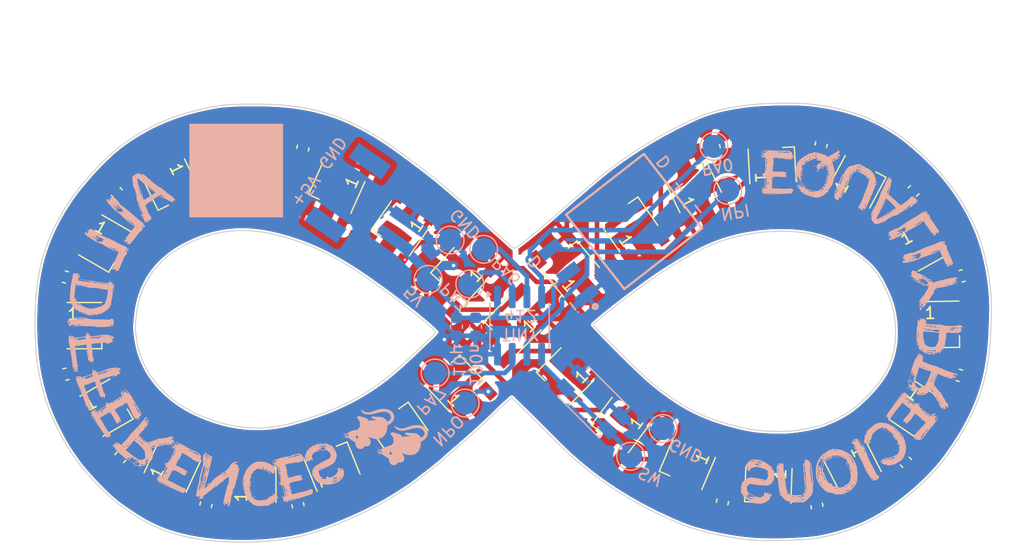
<source format=kicad_pcb>
(kicad_pcb (version 20240108) (generator "pcbnew") (generator_version "8.0")
  (layers (0 "F.Cu" signal) (31 "B.Cu" signal) (34 "B.Paste" user) (35 "F.Paste" user) (36 "B.SilkS" user "B.Silkscreen") (37 "F.SilkS" user "F.Silkscreen") (38 "B.Mask" user) (39 "F.Mask" user) (44 "Edge.Cuts" user))
  (net 0 "")
  (net 1 "GND")
  (net 2 "+5V")
  (net 3 "Net-(D1-DIN)")
  (net 4 "Net-(D1-DOUT)")
  (net 5 "Net-(D2-DOUT)")
  (net 6 "Net-(D3-DOUT)")
  (net 7 "Net-(D4-DOUT)")
  (net 8 "Net-(D5-DOUT)")
  (net 9 "Net-(D6-DOUT)")
  (net 10 "Net-(D7-DOUT)")
  (net 11 "Net-(D8-DOUT)")
  (net 12 "Net-(D10-DIN)")
  (net 13 "Net-(D10-DOUT)")
  (net 14 "Net-(D11-DOUT)")
  (net 15 "Net-(D12-DOUT)")
  (net 16 "Net-(D13-DOUT)")
  (net 17 "Net-(D14-DOUT)")
  (net 18 "Net-(D15-DOUT)")
  (net 19 "Net-(D16-DOUT)")
  (net 20 "Net-(D17-DOUT)")
  (net 21 "Net-(D18-DOUT)")
  (net 22 "Net-(D19-DOUT)")
  (net 23 "Net-(D20-DOUT)")
  (net 24 "Net-(D21-DOUT)")
  (net 25 "Net-(D22-DOUT)")
  (net 26 "Net-(D24-DOUT)")
  (net 27 "Net-(D25-DOUT)")
  (net 28 "Net-(D26-DOUT)")
  (net 29 "Net-(U1-PA2)")
  (net 30 "Net-(U1-PA3)")
  (net 31 "Net-(U1-PA6)")
  (net 32 "Net-(U1-PA7)")
  (net 33 "Net-(J1-Pin_3)")
  (net 34 "Net-(D23-DOUT)")
  (net 35 "Net-(D27-DOUT)")
  (footprint "Capacitor_SMD:C_0603_1608Metric" (layer "F.Cu") (at 42.451407 67.799415 -15)
    (property "Reference" "C13" (hide yes))
    (property "Value" "100nF" (hide yes))
  )
  (footprint "Capacitor_SMD:C_0603_1608Metric" (layer "F.Cu") (at 115.743205 60.347231 45.5)
    (property "Reference" "C6" (hide yes))
    (property "Value" "100nF" (hide yes))
  )
  (footprint "S2B_PH_SM4_TB:LED_WS2812B_PLCC4_5.0x5.0mm_P3.2mm" (layer "F.Cu") (at 58.9 58.4 -92)
    (property "Reference" "D18" (hide yes))
    (property "Value" "WS2812B")
  )
  (footprint "S2B_PH_SM4_TB:LED_WS2812B_PLCC4_5.0x5.0mm_P3.2mm" (layer "F.Cu") (at 44.1 72)
    (property "Reference" "D21" (hide yes))
    (property "Value" "WS2812B")
  )
  (footprint "S2B_PH_SM4_TB:LED_WS2812B_PLCC4_5.0x5.0mm_P3.2mm" (layer "F.Cu") (at 103.524038 58.139712 93)
    (property "Reference" "D4" (hide yes))
    (property "Value" "WS2812B")
  )
  (footprint "S2B_PH_SM4_TB:LED_WS2812B_PLCC4_5.0x5.0mm_P3.2mm" (layer "F.Cu") (at 71.4 63.6 -125)
    (property "Reference" "D16" (hide yes))
    (property "Value" "WS2812B")
  )
  (footprint "S2B_PH_SM4_TB:LED_WS2812B_PLCC4_5.0x5.0mm_P3.2mm" (layer "F.Cu") (at 110.5 84.2 -63)
    (property "Reference" "D9" (hide yes))
    (property "Value" "WS2812B")
  )
  (footprint "S2B_PH_SM4_TB:LED_WS2812B_PLCC4_5.0x5.0mm_P3.2mm" (layer "F.Cu") (at 96.7 60 116)
    (property "Reference" "D3" (hide yes))
    (property "Value" "WS2812B")
  )
  (footprint "S2B_PH_SM4_TB:LED_WS2812B_PLCC4_5.0x5.0mm_P3.2mm" (layer "F.Cu") (at 51.6 59.8 -64)
    (property "Reference" "D19" (hide yes))
    (property "Value" "WS2812B")
  )
  (footprint "S2B_PH_SM4_TB:LED_WS2812B_PLCC4_5.0x5.0mm_P3.2mm" (layer "F.Cu") (at 110.9 59.56215 62)
    (property "Reference" "D5" (hide yes))
    (property "Value" "WS2812B")
  )
  (footprint "Capacitor_SMD:C_0603_1608Metric" (layer "F.Cu") (at 107.767741 56.343371 77.5)
    (property "Reference" "C7" (hide yes))
    (property "Value" "100nF" (hide yes))
  )
  (footprint "S2B_PH_SM4_TB:LED_WS2812B_PLCC4_5.0x5.0mm_P3.2mm" (layer "F.Cu") (at 90.4 80.6 -127)
    (property "Reference" "D12" (hide yes))
    (property "Value" "WS2812B")
  )
  (footprint "S2B_PH_SM4_TB:LED_WS2812B_PLCC4_5.0x5.0mm_P3.2mm" (layer "F.Cu") (at 76.1 77 133)
    (property "Reference" "D27" (hide yes))
    (property "Value" "WS2812B")
  )
  (footprint "S2B_PH_SM4_TB:LED_WS2812B_PLCC4_5.0x5.0mm_P3.2mm" (layer "F.Cu") (at 46 79.1 30)
    (property "Reference" "D22" (hide yes))
    (property "Value" "WS2812B")
  )
  (footprint "S2B_PH_SM4_TB:LED_WS2812B_PLCC4_5.0x5.0mm_P3.2mm" (layer "F.Cu") (at 116 79.3 -34)
    (property "Reference" "D8" (hide yes))
    (property "Value" "WS2812B")
  )
  (footprint "S2B_PH_SM4_TB:LED_WS2812B_PLCC4_5.0x5.0mm_P3.2mm" (layer "F.Cu") (at 58.65 85.8 90)
    (property "Reference" "D24" (hide yes))
    (property "Value" "WS2812B")
  )
  (footprint "S2B_PH_SM4_TB:LED_WS2812B_PLCC4_5.0x5.0mm_P3.2mm" (layer "F.Cu") (at 103.2 85.8 -92)
    (property "Reference" "D10" (hide yes))
    (property "Value" "WS2812B")
  )
  (footprint "Capacitor_SMD:C_0603_1608Metric" (layer "F.Cu") (at 119.7 76.3 -16.5)
    (property "Reference" "C4" (hide yes))
    (property "Value" "100nF" (hide yes))
  )
  (footprint "Capacitor_SMD:C_0603_1608Metric" (layer "F.Cu") (at 62.552123 87.539239 101)
    (property "Reference" "C9" (hide yes))
    (property "Value" "100nF" (hide yes))
  )
  (footprint "Capacitor_SMD:C_0603_1608Metric" (layer "F.Cu") (at 54.6 87.5 77.5)
    (property "Reference" "C10" (hide yes))
    (property "Value" "100nF" (hide yes))
  )
  (footprint "Capacitor_SMD:C_0603_1608Metric" (layer "F.Cu") (at 107.4 87.6 -77.5)
    (property "Reference" "C18" (hide yes))
    (property "Value" "100nF" (hide yes))
  )
  (footprint "S2B_PH_SM4_TB:LED_WS2812B_PLCC4_5.0x5.0mm_P3.2mm" (layer "F.Cu") (at 71.3 81 125)
    (property "Reference" "D26" (hide yes))
    (property "Value" "WS2812B")
  )
  (footprint "S2B_PH_SM4_TB:LED_WS2812B_PLCC4_5.0x5.0mm_P3.2mm" (layer "F.Cu") (at 76.5 67.7 -133)
    (property "Reference" "D15" (hide yes))
    (property "Value" "WS2812B")
  )
  (footprint "Capacitor_SMD:C_0603_1608Metric" (layer "F.Cu") (at 46.9 60.5 -47)
    (property "Reference" "C14" (hide yes))
    (property "Value" "100nF" (hide yes))
  )
  (footprint "S2B_PH_SM4_TB:LED_WS2812B_PLCC4_5.0x5.0mm_P3.2mm" (layer "F.Cu") (at 51.7 84.2 65)
    (property "Reference" "D23" (hide yes))
    (property "Value" "WS2812B")
  )
  (footprint "S2B_PH_SM4_TB:LED_WS2812B_PLCC4_5.0x5.0mm_P3.2mm" (layer "F.Cu") (at 65.9 60.1 -114)
    (property "Reference" "D17" (hide yes))
    (property "Value" "WS2812B")
  )
  (footprint "S2B_PH_SM4_TB:LED_WS2812B_PLCC4_5.0x5.0mm_P3.2mm" (layer "F.Cu") (at 86.1 67.1 130)
    (property "Reference" "D1" (hide yes))
    (property "Value" "WS2812B")
  )
  (footprint "S2B_PH_SM4_TB:LED_WS2812B_PLCC4_5.0x5.0mm_P3.2mm" (layer "F.Cu") (at 65.5 84.2 112)
    (property "Reference" "D25" (hide yes))
    (property "Value" "WS2812B")
  )
  (footprint "S2B_PH_SM4_TB:LED_WS2812B_PLCC4_5.0x5.0mm_P3.2mm" (layer "F.Cu") (at 91.146338 63.246676 125)
    (property "Reference" "D2" (hide yes))
    (property "Value" "WS2812B")
  )
  (footprint "S2B_PH_SM4_TB:LED_WS2812B_PLCC4_5.0x5.0mm_P3.2mm" (layer "F.Cu") (at 96.2 84 -113)
    (property "Reference" "D11" (hide yes))
    (property "Value" "WS2812B")
  )
  (footprint "Capacitor_SMD:C_0603_1608Metric" (layer "F.Cu") (at 62.974337 56.644863 -103)
    (property "Reference" "C16" (hide yes))
    (property "Value" "100nF" (hide yes))
  )
  (footprint "Capacitor_SMD:C_0603_1608Metric" (layer "F.Cu") (at 42.5 76.2 15)
    (property "Reference" "C12" (hide yes))
    (property "Value" "100nF" (hide yes))
  )
  (footprint "S2B_PH_SM4_TB:LED_WS2812B_PLCC4_5.0x5.0mm_P3.2mm" (layer "F.Cu") (at 116.5 64.8 29)
    (property "Reference" "D6" (hide yes))
    (property "Value" "WS2812B")
  )
  (footprint "Capacitor_SMD:C_0603_1608Metric" (layer "F.Cu") (at 54.738868 56.541936 -78)
    (property "Reference" "C15" (hide yes))
    (property "Value" "100nF" (hide yes))
  )
  (footprint "S2B_PH_SM4_TB:LED_WS2812B_PLCC4_5.0x5.0mm_P3.2mm" (layer "F.Cu") (at 118.2 71.9 1)
    (property "Reference" "D7" (hide yes))
    (property "Value" "WS2812B")
  )
  (footprint "Capacitor_SMD:C_0603_1608Metric" (layer "F.Cu") (at 47.2 83.4 47.5)
    (property "Reference" "C11" (hide yes))
    (property "Value" "100nF" (hide yes))
  )
  (footprint "S2B_PH_SM4_TB:LED_WS2812B_PLCC4_5.0x5.0mm_P3.2mm" (layer "F.Cu") (at 45.9 64.9 -30)
    (property "Reference" "D20" (hide yes))
    (property "Value" "WS2812B")
  )
  (footprint "Capacitor_SMD:C_0603_1608Metric" (layer "F.Cu") (at 115.091554 83.8151 -48.5)
    (property "Reference" "C3" (hide yes))
    (property "Value" "100nF" (hide yes))
  )
  (footprint "Capacitor_SMD:C_0603_1608Metric" (layer "F.Cu") (at 119.948593 67.699415 15)
    (property "Reference" "C5" (hide yes))
    (property "Value" "100nF" (hide yes))
  )
  (footprint "Capacitor_SMD:C_0603_1608Metric" (layer "F.Cu") (at 99.505955 56.349686 104.5)
    (property "Reference" "C8" (hide yes))
    (property "Value" "100nF" (hide yes))
  )
  (footprint "Capacitor_SMD:C_0603_1608Metric" (layer "F.Cu") (at 99.232259 87.256629 -102.5)
    (property "Reference" "C17" (hide yes))
    (property "Value" "100nF" (hide yes))
  )
  (footprint "S2B_PH_SM4_TB:LED_WS2812B_PLCC4_5.0x5.0mm_P3.2mm" (layer "F.Cu") (at 81.1 72 -135)
    (property "Reference" "D14" (hide yes))
    (property "Value" "WS2812B")
  )
  (footprint "S2B_PH_SM4_TB:LED_WS2812B_PLCC4_5.0x5.0mm_P3.2mm" (layer "F.Cu") (at 85.634315 76.399138 -135)
    (property "Reference" "D13" (hide yes))
    (property "Value" "WS2812B")
  )
  (footprint "logos:Mouse_smol" (layer "B.Cu") (at 71.6 82.7)
    (property "Reference" "G***" (hide yes))
    (property "Value" "LOGO" (hide yes))
  )
  (footprint "Capacitor_SMD:C_0603_1608Metric" (layer "B.Cu") (at 77.9 72.1 -90)
    (property "Reference" "C2" (hide yes))
    (property "Value" "100nF" (hide yes))
  )
  (footprint "TestPoint:TestPoint_Pad_D2.0mm" (layer "B.Cu") (at 74.4 76.1 180)
    (property "Reference" "TP7" (hide yes))
    (property "Value" "TestPoint_Small")
  )
  (footprint "Capacitor_SMD:C_0603_1608Metric" (layer "B.Cu") (at 76.25 72.1 -90)
    (property "Reference" "C1" (hide yes))
    (property "Value" "10µF" (hide yes))
  )
  (footprint "TestPoint:TestPoint_Pad_D2.0mm" (layer "B.Cu") (at 75.7 64.6 180)
    (property "Reference" "TP2" (hide yes))
    (property "Value" "TestPoint_Small")
  )
  (footprint "BG300_03_A_L_A:GCT_BG300-03-X-X-A_REVC" (layer "B.Cu") (at 90.05 64.2 128)
    (property "Reference" "J1" (hide yes))
    (property "Value" "Conn_01x03_Socket")
  )
  (footprint "logos:Mouse_smol" (layer "B.Cu") (at 68.7 81.3)
    (property "Reference" "G***" (hide yes))
    (property "Value" "LOGO" (hide yes))
  )
  (footprint "Button_Switch_SMD:SW_SPST_EVQP2" (layer "B.Cu") (at 88.1 78.6 -45)
    (property "Reference" "SW1" (hide yes))
    (property "Value" "SW_Push")
  )
  (footprint "TestPoint:TestPoint_Pad_D2.0mm" (layer "B.Cu") (at 99.7 60.3 180)
    (property "Reference" "TP3" (hide yes))
    (property "Value" "TestPoint_Small")
  )
  (footprint "TestPoint:TestPoint_Pad_D2.0mm" (layer "B.Cu") (at 98.5 56.5 180)
    (property "Reference" "TP4" (hide yes))
    (property "Value" "TestPoint_Small")
  )
  (footprint "TestPoint:TestPoint_Pad_D2.0mm" (layer "B.Cu") (at 78.6 65.4 180)
    (property "Reference" "TP10" (hide yes))
    (property "Value" "TestPoint_Small")
  )
  (footprint "TestPoint:TestPoint_Pad_D2.0mm" (layer "B.Cu") (at 77.4 68.4 180)
    (property "Reference" "TP8" (hide yes))
    (property "Value" "TestPoint_Small")
  )
  (footprint "TestPoint:TestPoint_Pad_D2.0mm" (layer "B.Cu") (at 94.1 80.9 180)
    (property "Reference" "TP6" (hide yes))
    (property "Value" "TestPoint_Small")
  )
  (footprint "TestPoint:TestPoint_Pad_D2.0mm" (layer "B.Cu") (at 91.3 83.3 180)
    (property "Reference" "TP5" (hide yes))
    (property "Value" "TestPoint_Small")
  )
  (footprint "Package_SO:SOIC-8_3.9x4.9mm_P1.27mm" (layer "B.Cu") (at 81.7 72 -90)
    (property "Reference" "U1" (hide yes))
    (property "Value" "ATtiny412-SS")
  )
  (footprint "TestPoint:TestPoint_Pad_D2.0mm" (layer "B.Cu") (at 77 78.7 180)
    (property "Reference" "TP9" (hide yes))
    (property "Value" "TestPoint_Small")
  )
  (footprint "TestPoint:TestPoint_Pad_D2.0mm" (layer "B.Cu") (at 73.8 68 180)
    (property "Reference" "TP1" (hide yes))
    (property "Value" "TestPoint_Small")
  )
  (footprint "S2B_PH_SM4_TB:JST_S2B-PH-SM4-TB" (layer "B.Cu") (at 71.569426 63.829215 -125)
    (property "Reference" "P1" (hide yes))
    (property "Value" "S2B-PH-SM4-TB")
  )
  (gr_poly (pts (xy 106.176698 58.339245) (xy 106.174317 58.346679) (xy 106.172157 58.354065) (xy 106.170254 58.361416) (xy 106.168643 58.368742) (xy 106.167361 58.376056) (xy 106.166443 58.383369) (xy 106.165925 58.390694) (xy 106.165842 58.398042) (xy 106.166231 58.405424) (xy 106.167127 58.412854) (xy 106.168567 58.420341) (xy 106.170585 58.427899) (xy 106.173218 58.43554) (xy 106.176501 58.443273) (xy 106.177417 58.444669) (xy 106.178176 58.446138) (xy 106.178785 58.447677) (xy 106.179249 58.449286) (xy 106.179575 58.45096) (xy 106.179767 58.452699) (xy 106.179833 58.4545) (xy 106.179777 58.456361) (xy 106.179324 58.460252) (xy 106.178456 58.464356) (xy 106.17722 58.468653) (xy 106.175661 58.473127) (xy 106.173827 58.47776) (xy 106.171764 58.482533) (xy 106.167138 58.492429) (xy 106.157191 58.513121) (xy 106.159235 58.515008) (xy 106.161024 58.517564) (xy 106.162565 58.520744) (xy 106.163864 58.524503) (xy 106.164927 58.528796) (xy 106.16576 58.53358) (xy 106.166761 58.54444) (xy 106.166916 58.556726) (xy 106.166273 58.570081) (xy 106.16488 58.584148) (xy 106.162786 58.598573) (xy 106.160039 58.612997) (xy 106.156689 58.627064) (xy 106.152783 58.640419) (xy 106.14837 58.652704) (xy 106.143499 58.663563) (xy 106.140907 58.668346) (xy 106.138218 58.672639) (xy 106.135439 58.676398) (xy 106.132576 58.679577) (xy 106.129634 58.682132) (xy 106.12662 58.684019) (xy 106.147861 58.712988) (xy 106.147389 58.715419) (xy 106.146714 58.717995) (xy 106.145857 58.720694) (xy 106.14484 58.723494) (xy 106.143685 58.726373) (xy 106.142415 58.72931) (xy 106.139617 58.73527) (xy 106.136623 58.741201) (xy 106.133611 58.746929) (xy 106.128238 58.757078) (xy 106.132419 58.757612) (xy 106.091228 59.025396) (xy 106.09769 59.261961) (xy 106.097674 59.262068) (xy 106.098783 59.260243) (xy 106.099932 59.258451) (xy 106.102325 59.254962) (xy 106.104812 59.2516) (xy 106.107347 59.248365) (xy 106.109888 59.245257) (xy 106.11239 59.242274) (xy 106.117105 59.236684) (xy 106.119229 59.234075) (xy 106.12114 59.231591) (xy 106.122794 59.22923) (xy 106.123511 59.228096) (xy 106.124147 59.226992) (xy 106.124697 59.225919) (xy 106.125155 59.224876) (xy 106.125516 59.223864) (xy 106.125775 59.222883) (xy 106.125925 59.221931) (xy 106.125963 59.22101) (xy 106.125881 59.22012) (xy 106.125674 59.219259) (xy 106.122539 59.201058) (xy 106.120334 59.182893) (xy 106.118991 59.164748) (xy 106.118445 59.146606) (xy 106.118628 59.128451) (xy 106.119475 59.110267) (xy 106.120919 59.092036) (xy 106.122893 59.073742) (xy 106.128167 59.0369) (xy 106.134764 58.99961) (xy 106.149798 58.923155) (xy 106.153924 58.904566) (xy 106.157415 58.88598) (xy 106.16034 58.867407) (xy 106.162765 58.848858) (xy 106.166389 58.811871) (xy 106.168824 58.775103) (xy 106.172288 58.702555) (xy 106.174395 58.666942) (xy 106.17747 58.63188) (xy 106.187361 58.566743) (xy 106.196221 58.503055) (xy 106.20002 58.471716) (xy 106.203268 58.440695) (xy 106.205867 58.409976) (xy 106.207721 58.379545) (xy 106.20797 58.377601) (xy 106.208118 58.375688) (xy 106.208166 58.373806) (xy 106.20812 58.371952) (xy 106.207981 58.370125) (xy 106.207754 58.368323) (xy 106.207441 58.366543) (xy 106.207047 58.364785) (xy 106.206575 58.363046) (xy 106.206028 58.361325) (xy 106.204723 58.357927) (xy 106.203159 58.354578) (xy 106.201365 58.351262) (xy 106.199367 58.347965) (xy 106.197192 58.344672) (xy 106.194869 58.341369) (xy 106.192425 58.338041) (xy 106.181979 58.324186)) (stroke (width -0.000001)) (fill solid) (layer "B.SilkS"))
  (gr_poly (pts (xy 44.580578 63.636543) (xy 44.573474 63.637625) (xy 44.567083 63.638966) (xy 44.564161 63.639744) (xy 44.561423 63.640601) (xy 44.558874 63.641539) (xy 44.556514 63.642565) (xy 44.554346 63.643681) (xy 44.552372 63.644894) (xy 44.550595 63.646206) (xy 44.549016 63.647622) (xy 44.547639 63.649148) (xy 44.546466 63.650786) (xy 44.545498 63.652542) (xy 44.544738 63.65442) (xy 44.544189 63.656424) (xy 44.543852 63.658559) (xy 44.54373 63.660829) (xy 44.543826 63.663239) (xy 44.544141 63.665792) (xy 44.544677 63.668494) (xy 44.545438 63.671349) (xy 44.546426 63.674361) (xy 44.547642 63.677534) (xy 44.549089 63.680874) (xy 44.550769 63.684384) (xy 44.552685 63.688068) (xy 44.554839 63.691932) (xy 44.557233 63.69598) (xy 44.557366 63.697775) (xy 44.557585 63.699622) (xy 44.558261 63.703514) (xy 44.55922 63.707747) (xy 44.560422 63.712411) (xy 44.563395 63.7234) (xy 44.565087 63.729907) (xy 44.566861 63.737209) (xy 44.47865 63.716945) (xy 44.497388 63.674312) (xy 44.490424 63.676346) (xy 44.483541 63.678213) (xy 44.47002 63.681498) (xy 44.45683 63.684279) (xy 44.443976 63.686666) (xy 44.396024 63.694499) (xy 44.40125 63.70011) (xy 44.406388 63.705411) (xy 44.416299 63.715259) (xy 44.425552 63.724384) (xy 44.429867 63.728784) (xy 44.433942 63.733132) (xy 44.437749 63.737471) (xy 44.441265 63.741844) (xy 44.444462 63.746294) (xy 44.445934 63.748561) (xy 44.447316 63.750863) (xy 44.448606 63.753207) (xy 44.449801 63.755596) (xy 44.450897 63.758036) (xy 44.451891 63.760534) (xy 44.45278 63.763093) (xy 44.453561 63.76572) (xy 44.454231 63.76842) (xy 44.454785 63.771198) (xy 44.455365 63.773673) (xy 44.455798 63.776188) (xy 44.456091 63.778739) (xy 44.456251 63.781325) (xy 44.456199 63.786592) (xy 44.455698 63.791974) (xy 44.454802 63.797452) (xy 44.453565 63.803011) (xy 44.452043 63.808635) (xy 44.45029 63.814306) (xy 44.44631 63.825724) (xy 44.442063 63.837133) (xy 44.437988 63.8484) (xy 44.436151 63.85394) (xy 44.434522 63.859394) (xy 44.433992 63.859574) (xy 44.433452 63.859723) (xy 44.432902 63.859844) (xy 44.432345 63.859937) (xy 44.431783 63.860004) (xy 44.431217 63.860047) (xy 44.430649 63.860068) (xy 44.430082 63.860068) (xy 44.429516 63.860049) (xy 44.428954 63.860012) (xy 44.427848 63.859892) (xy 44.426778 63.859722) (xy 44.425759 63.859514) (xy 44.424806 63.859281) (xy 44.423933 63.859037) (xy 44.423154 63.858795) (xy 44.422484 63.858567) (xy 44.421529 63.858209) (xy 44.421185 63.858066) (xy 44.422513 63.770809) (xy 44.42086 63.768401) (xy 44.418986 63.766005) (xy 44.41689 63.763621) (xy 44.414573 63.761248) (xy 44.412035 63.758886) (xy 44.409275 63.756535) (xy 44.406293 63.754195) (xy 44.40309 63.751867) (xy 44.399666 63.749549) (xy 44.39602 63.747242) (xy 44.392152 63.744946) (xy 44.388063 63.74266) (xy 44.383752 63.740385) (xy 44.379219 63.738121) (xy 44.374465 63.735867) (xy 44.369489 63.733623) (xy 44.367104 63.735228) (xy 44.364767 63.736955) (xy 44.362474 63.738798) (xy 44.360223 63.740746) (xy 44.358008 63.742793) (xy 44.355829 63.74493) (xy 44.353681 63.747149) (xy 44.351561 63.749441) (xy 44.347395 63.754212) (xy 44.343304 63.759179) (xy 44.339263 63.764275) (xy 44.335248 63.769435) (xy 44.336849 63.769678) (xy 44.338425 63.769858) (xy 44.339976 63.769978) (xy 44.341504 63.770041) (xy 44.343008 63.770049) (xy 44.344488 63.770006) (xy 44.347383 63.769776) (xy 44.350191 63.769373) (xy 44.352916 63.768819) (xy 44.355562 63.768135) (xy 44.358134 63.767344) (xy 44.360635 63.766468) (xy 44.363069 63.765528) (xy 44.36775 63.763548) (xy 44.372209 63.76158) (xy 44.376477 63.759799) (xy 44.37916 63.772483) (xy 44.381646 63.783888) (xy 44.383985 63.794145) (xy 44.386229 63.803385) (xy 44.388428 63.81174) (xy 44.390633 63.819339) (xy 44.392893 63.826315) (xy 44.395261 63.832797) (xy 44.322507 63.819477) (xy 44.323192 63.823899) (xy 44.324073 63.827992) (xy 44.325143 63.831773) (xy 44.326394 63.835254) (xy 44.327816 63.838453) (xy 44.329402 63.841383) (xy 44.331144 63.844059) (xy 44.333033 63.846498) (xy 44.33506 63.848712) (xy 44.337218 63.850718) (xy 44.339498 63.852531) (xy 44.341893 63.854165) (xy 44.344393 63.855636) (xy 44.34699 63.856958) (xy 44.352445 63.859217) (xy 44.358189 63.861062) (xy 44.364158 63.862612) (xy 44.376503 63.865309) (xy 44.382747 63.866696) (xy 44.388949 63.868268) (xy 44.395045 63.870145) (xy 44.400968 63.872447) (xy 44.482358 63.908229) (xy 44.47215 63.931484) (xy 44.414014 63.905925) (xy 44.41236 63.914085) (xy 44.410818 63.922728) (xy 44.407706 63.941303) (xy 44.405956 63.951155) (xy 44.403957 63.961331) (xy 44.401617 63.971791) (xy 44.398847 63.982494) (xy 44.396201 63.981792) (xy 44.393668 63.981194) (xy 44.391245 63.980696) (xy 44.388929 63.980296) (xy 44.386717 63.979993) (xy 44.384604 63.979784) (xy 44.382589 63.979666) (xy 44.380668 63.979638) (xy 44.378837 63.979697) (xy 44.377093 63.979841) (xy 44.375433 63.980067) (xy 44.373854 63.980374) (xy 44.372352 63.980759) (xy 44.370925 63.981219) (xy 44.369568 63.981753) (xy 44.368279 63.982358) (xy 44.367055 63.983033) (xy 44.365892 63.983774) (xy 44.364787 63.984579) (xy 44.363736 63.985447) (xy 44.362737 63.986374) (xy 44.361787 63.987359) (xy 44.360881 63.9884) (xy 44.360017 63.989493) (xy 44.359191 63.990638) (xy 44.358401 63.991831) (xy 44.356912 63.994353) (xy 44.355526 63.997043) (xy 44.354215 63.999881) (xy 44.353025 64.002826) (xy 44.351992 64.005846) (xy 44.351091 64.008938) (xy 44.350295 64.012097) (xy 44.34892 64.018599) (xy 44.347667 64.025318) (xy 44.346332 64.032218) (xy 44.345572 64.035725) (xy 44.344715 64.039265) (xy 44.343738 64.042832) (xy 44.342614 64.046424) (xy 44.341318 64.050035) (xy 44.339826 64.053661) (xy 44.338761 64.055841) (xy 44.337487 64.058003) (xy 44.336016 64.060121) (xy 44.33436 64.062165) (xy 44.332532 64.064106) (xy 44.330545 64.065917) (xy 44.328411 64.067569) (xy 44.326142 64.069033) (xy 44.324961 64.069686) (xy 44.323752 64.070281) (xy 44.322515 64.070815) (xy 44.321252 64.071284) (xy 44.319964 64.071686) (xy 44.318655 64.072015) (xy 44.317324 64.072269) (xy 44.315973 64.072444) (xy 44.314605 64.072536) (xy 44.31322 64.072543) (xy 44.31182 64.07246) (xy 44.310407 64.072283) (xy 44.308983 64.07201) (xy 44.307548 64.071637) (xy 44.306104 64.07116) (xy 44.304654 64.070575) (xy 44.30623 64.066329) (xy 44.307155 64.062302) (xy 44.307478 64.058475) (xy 44.307249 64.054833) (xy 44.306516 64.051359) (xy 44.305327 64.048037) (xy 44.303733 64.044849) (xy 44.30178 64.041779) (xy 44.299519 64.03881) (xy 44.296999 64.035927) (xy 44.291372 64.030346) (xy 44.279147 64.019471) (xy 44.273329 64.013908) (xy 44.270665 64.011038) (xy 44.268229 64.008086) (xy 44.26607 64.005035) (xy 44.264236 64.00187) (xy 44.262777 63.998572) (xy 44.261741 63.995127) (xy 44.261177 63.991516) (xy 44.261134 63.987724) (xy 44.261661 63.983733) (xy 44.262806 63.979528) (xy 44.264619 63.975091) (xy 44.267148 63.970405) (xy 44.270441 63.965455) (xy 44.274548 63.960224) (xy 44.331906 64.008563) (xy 44.337506 64.006442) (xy 44.336024 63.999828) (xy 44.334385 63.99334) (xy 44.332602 63.986964) (xy 44.330688 63.980687) (xy 44.326519 63.968369) (xy 44.321984 63.956269) (xy 44.302274 63.907726) (xy 44.302585 63.91122) (xy 44.302456 63.914319) (xy 44.301913 63.917046) (xy 44.300982 63.919427) (xy 44.299687 63.921486) (xy 44.298055 63.923248) (xy 44.296111 63.924738) (xy 44.29388 63.925981) (xy 44.291389 63.927) (xy 44.288662 63.927822) (xy 44.285725 63.92847) (xy 44.282603 63.92897) (xy 44.27591 63.929623) (xy 44.268784 63.929979) (xy 44.254057 63.930591) (xy 44.246863 63.931243) (xy 44.240055 63.932389) (xy 44.236859 63.93321) (xy 44.233836 63.934228) (xy 44.231012 63.935469) (xy 44.228412 63.936958) (xy 44.226061 63.938718) (xy 44.223985 63.940776) (xy 44.22221 63.943155) (xy 44.220761 63.94588) (xy 44.220153 63.947354) (xy 44.219637 63.948867) (xy 44.219214 63.950419) (xy 44.218883 63.952012) (xy 44.218645 63.953644) (xy 44.218499 63.955317) (xy 44.218445 63.957029) (xy 44.218484 63.958782) (xy 44.218614 63.960574) (xy 44.218836 63.962407) (xy 44.218905 63.962815) (xy 44.205945 63.916286) (xy 44.185346 63.9211) (xy 44.1848 63.926256) (xy 44.184111 63.931618) (xy 44.183293 63.93703) (xy 44.182361 63.942337) (xy 44.181327 63.947381) (xy 44.180206 63.952008) (xy 44.179618 63.954116) (xy 44.179013 63.956061) (xy 44.178394 63.957824) (xy 44.177762 63.959384) (xy 44.175282 63.960844) (xy 44.172674 63.962146) (xy 44.169954 63.963303) (xy 44.167136 63.964328) (xy 44.164235 63.965235) (xy 44.161264 63.966036) (xy 44.158239 63.966746) (xy 44.155173 63.967377) (xy 44.14898 63.968456) (xy 44.142801 63.96938) (xy 44.136752 63.970255) (xy 44.130948 63.971187) (xy 44.128491 63.973232) (xy 44.126257 63.975549) (xy 44.124244 63.978118) (xy 44.122449 63.980922) (xy 44.12087 63.983943) (xy 44.119505 63.987163) (xy 44.118351 63.990565) (xy 44.117407 63.994129) (xy 44.11667 63.997839) (xy 44.116138 64.001676) (xy 44.115808 64.005623) (xy 44.115678 64.009661) (xy 44.115746 64.013772) (xy 44.11601 64.01794) (xy 44.116468 64.022144) (xy 44.117116 64.026369) (xy 44.117953 64.030595) (xy 44.118977 64.034805) (xy 44.120185 64.03898) (xy 44.121575 64.043104) (xy 44.123145 64.047158) (xy 44.124892 64.051124) (xy 44.126814 64.054983) (xy 44.12891 64.058719) (xy 44.131175 64.062314) (xy 44.13361 64.065748) (xy 44.13621 64.069005) (xy 44.138974 64.072066) (xy 44.1419 64.074914) (xy 44.144985 64.07753) (xy 44.148227 64.079897) (xy 44.151624 64.081996) (xy 44.161871 64.08978) (xy 44.1719 64.097198) (xy 44.181696 64.104404) (xy 44.191245 64.111556) (xy 44.200531 64.118808) (xy 44.205071 64.122521) (xy 44.20954 64.126318) (xy 44.213936 64.130218) (xy 44.218257 64.134242) (xy 44.222501 64.138407) (xy 44.226666 64.142734) (xy 44.248629 64.171138) (xy 44.267135 64.194338) (xy 44.27567 64.204444) (xy 44.284034 64.213797) (xy 44.292459 64.22258) (xy 44.301175 64.230977) (xy 44.310414 64.239171) (xy 44.320408 64.247344) (xy 44.331386 64.255678) (xy 44.343581 64.264358) (xy 44.357223 64.273566) (xy 44.372544 64.283485) (xy 44.409146 64.306186) (xy 44.408745 64.306979) (xy 44.408193 64.307896) (xy 44.40751 64.30892) (xy 44.406719 64.310032) (xy 44.404901 64.312451) (xy 44.402913 64.315012) (xy 44.400931 64.317575) (xy 44.39913 64.319997) (xy 44.398352 64.321112) (xy 44.397685 64.322138) (xy 44.397151 64.323059) (xy 44.396771 64.323856) (xy 44.411983 64.326483) (xy 44.426823 64.32951) (xy 44.441302 64.332959) (xy 44.455427 64.336857) (xy 44.46921 64.341227) (xy 44.482659 64.346094) (xy 44.495784 64.351482) (xy 44.508595 64.357417) (xy 44.521102 64.363921) (xy 44.533313 64.37102) (xy 44.545239 64.378739) (xy 44.556889 64.387101) (xy 44.568272 64.396132) (xy 44.579398 64.405855) (xy 44.590277 64.416296) (xy 44.600919 64.427478) (xy 44.600989 64.428362) (xy 44.601114 64.429242) (xy 44.601291 64.430118) (xy 44.60152 64.43099) (xy 44.601799 64.431857) (xy 44.602126 64.432718) (xy 44.6025 64.433573) (xy 44.602919 64.434421) (xy 44.60389 64.436093) (xy 44.605025 64.437729) (xy 44.606314 64.439325) (xy 44.607745 64.440875) (xy 44.609307 64.442375) (xy 44.610988 64.443818) (xy 44.612777 64.445201) (xy 44.614662 64.446518) (xy 44.616632 64.447763) (xy 44.618676 64.448933) (xy 44.620781 64.450021) (xy 44.622937 64.451023) (xy 44.67434 64.487425) (xy 44.727725 64.524261) (xy 44.78216 64.560691) (xy 44.80948 64.578491) (xy 44.836713 64.595874) (xy 44.848249 64.603284) (xy 44.860047 64.610329) (xy 44.872079 64.617056) (xy 44.884318 64.623515) (xy 44.9093 64.635823) (xy 44.934768 64.647641) (xy 44.986262 64.671361) (xy 45.011838 64.684042) (xy 45.024485 64.690757) (xy 45.037 64.697788) (xy 45.200711 64.788242) (xy 45.221131 64.797003) (xy 45.241664 64.80538) (xy 45.262265 64.813353) (xy 45.282889 64.820903) (xy 45.303492 64.82801) (xy 45.324026 64.834653) (xy 45.344448 64.840812) (xy 45.364713 64.846469) (xy 45.407346 64.8652) (xy 45.626065 64.956729) (xy 45.637599 64.96188) (xy 45.643205 64.964516) (xy 45.648616 64.967227) (xy 45.651228 64.96862) (xy 45.653766 64.970041) (xy 45.656222 64.971493) (xy 45.658589 64.972981) (xy 45.660857 64.974508) (xy 45.663018 64.976076) (xy 45.665065 64.977689) (xy 45.666989 64.979351) (xy 45.703771 65.002523) (xy 45.721248 65.013844) (xy 45.73821 65.025103) (xy 45.754728 65.036384) (xy 45.770874 65.047774) (xy 45.78672 65.059356) (xy 45.802335 65.071216) (xy 45.876904 65.122493) (xy 45.880167 65.122959) (xy 45.883502 65.123281) (xy 45.890346 65.123636) (xy 45.897362 65.12385) (xy 45.904475 65.124216) (xy 45.908045 65.124546) (xy 45.911611 65.125023) (xy 45.915163 65.125685) (xy 45.918693 65.126566) (xy 45.922191 65.127704) (xy 45.925648 65.129135) (xy 45.927358 65.129972) (xy 45.929054 65.130895) (xy 45.930736 65.13191) (xy 45.932401 65.133022) (xy 46.299024 65.340434) (xy 46.307271 65.345585) (xy 46.315828 65.350493) (xy 46.324664 65.355199) (xy 46.333746 65.359742) (xy 46.352528 65.368505) (xy 46.371922 65.377104) (xy 46.39168 65.385863) (xy 46.411552 65.395105) (xy 46.421452 65.400009) (xy 46.431287 65.405154) (xy 46.441025 65.410581) (xy 46.450635 65.416332) (xy 46.470541 65.428126) (xy 46.490653 65.439205) (xy 46.510948 65.44962) (xy 46.531405 65.459422) (xy 46.552001 65.468661) (xy 46.572712 65.477389) (xy 46.614394 65.493517) (xy 46.656271 65.508214) (xy 46.698164 65.52189) (xy 46.781278 65.547809) (xy 46.814522 65.55854) (xy 46.847819 65.568535) (xy 46.881264 65.577945) (xy 46.914954 65.58692) (xy 46.983454 65.604171) (xy 47.054089 65.621494) (xy 46.528317 66.870143) (xy 46.557013 66.875887) (xy 46.585544 66.881997) (xy 46.599698 66.885302) (xy 46.613751 66.888834) (xy 46.627684 66.892639) (xy 46.641477 66.896762) (xy 46.617642 66.951015) (xy 46.612058 66.953128) (xy 46.611186 66.947723) (xy 46.610552 66.942638) (xy 46.610335 66.940153) (xy 46.610189 66.937673) (xy 46.61012 66.935171) (xy 46.610131 66.932624) (xy 46.610227 66.930006) (xy 46.610412 66.927291) (xy 46.610691 66.924455) (xy 46.611066 66.921472) (xy 46.611544 66.918316) (xy 46.612127 66.914964) (xy 46.612821 66.911389) (xy 46.613629 66.907566) (xy 46.551495 66.954235) (xy 46.554173 66.959853) (xy 46.556694 66.9656) (xy 46.559071 66.971458) (xy 46.561317 66.977415) (xy 46.565469 66.989565) (xy 46.569255 67.001933) (xy 46.582837 67.05125) (xy 46.582656 67.051612) (xy 46.582432 67.051952) (xy 46.582167 67.052272) (xy 46.581863 67.05257) (xy 46.581524 67.052849) (xy 46.581152 67.053107) (xy 46.580749 67.053346) (xy 46.580317 67.053565) (xy 46.579378 67.053946) (xy 46.578355 67.054255) (xy 46.577267 67.054492) (xy 46.576135 67.054662) (xy 46.574977 67.054767) (xy 46.573813 67.054808) (xy 46.572663 67.05479) (xy 46.571546 67.054715) (xy 46.570483 67.054586) (xy 46.569492 67.054404) (xy 46.568594 67.054174) (xy 46.567807 67.053897) (xy 46.560977 67.041807) (xy 46.554379 67.029062) (xy 46.547928 67.015732) (xy 46.541541 67.001889) (xy 46.528615 66.972943) (xy 46.51492 66.94279) (xy 46.499366 66.986236) (xy 46.492179 67.006919) (xy 46.485448 67.026936) (xy 46.479217 67.046307) (xy 46.473533 67.065051) (xy 46.46844 67.083189) (xy 46.463986 67.100742) (xy 46.491149 67.116216) (xy 46.504361 67.123928) (xy 46.517421 67.131737) (xy 46.5304 67.139728) (xy 46.543369 67.147986) (xy 46.556399 67.156597) (xy 46.569562 67.165645) (xy 46.571645 67.163475) (xy 46.573496 67.161109) (xy 46.575138 67.158573) (xy 46.576593 67.155893) (xy 46.577883 67.153092) (xy 46.579032 67.150198) (xy 46.580997 67.144227) (xy 46.584234 67.132263) (xy 46.585869 67.126674) (xy 46.58677 67.124067) (xy 46.587758 67.121618) (xy 46.588855 67.119352) (xy 46.590084 67.117295) (xy 46.591467 67.115471) (xy 46.593028 67.113907) (xy 46.594789 67.112628) (xy 46.596772 67.111658) (xy 46.599002 67.111023) (xy 46.6015 67.110748) (xy 46.604289 67.110858) (xy 46.607392 67.11138) (xy 46.610831 67.112337) (xy 46.614631 67.113755) (xy 46.618812 67.11566) (xy 46.623399 67.118076) (xy 46.628413 67.12103) (xy 46.633878 67.124546) (xy 46.62978 67.124479) (xy 46.626015 67.124552) (xy 46.62255 67.124746) (xy 46.619355 67.125039) (xy 46.616397 67.125409) (xy 46.613645 67.125836) (xy 46.608632 67.126776) (xy 46.604062 67.12769) (xy 46.601865 67.128084) (xy 46.599683 67.128409) (xy 46.597485 67.128643) (xy 46.59524 67.128765) (xy 46.592916 67.128754) (xy 46.590482 67.128589) (xy 46.59034 67.128972) (xy 46.590232 67.129394) (xy 46.590156 67.129852) (xy 46.590109 67.130343) (xy 46.59009 67.130864) (xy 46.590096 67.13141) (xy 46.59018 67.132566) (xy 46.590343 67.133786) (xy 46.590573 67.135041) (xy 46.590852 67.136306) (xy 46.591166 67.137552) (xy 46.591501 67.138753) (xy 46.59184 67.139881) (xy 46.592471 67.141813) (xy 46.593121 67.143619) (xy 46.605048 67.143647) (xy 46.616722 67.143511) (xy 46.628253 67.143206) (xy 46.639752 67.142724) (xy 46.651332 67.142062) (xy 46.663104 67.141214) (xy 46.675177 67.140173) (xy 46.687665 67.138935) (xy 46.688701 67.132649) (xy 46.689574 67.126615) (xy 46.690274 67.120722) (xy 46.690793 67.114859) (xy 46.691123 67.108916) (xy 46.691257 67.102782) (xy 46.691185 67.096345) (xy 46.6909 67.089496) (xy 46.704236 67.090816) (xy 46.705074 67.094599) (xy 46.705785 67.098238) (xy 46.706384 67.101761) (xy 46.706886 67.105194) (xy 46.70766 67.111899) (xy 46.708232 67.11857) (xy 46.709255 67.132676) (xy 46.709951 67.140543) (xy 46.710935 67.149242) (xy 46.726987 67.132438) (xy 46.742762 67.11627) (xy 46.758299 67.100648) (xy 46.773637 67.085479) (xy 46.803876 67.056141) (xy 46.833798 67.02753) (xy 46.84541 67.032634) (xy 46.835083 67.048706) (xy 46.825195 67.064645) (xy 46.815659 67.080522) (xy 46.80639 67.096408) (xy 46.788311 67.128492) (xy 46.770276 67.161464) (xy 46.832288 67.188716) (xy 46.824016 67.193146) (xy 46.816984 67.197091) (xy 46.810866 67.200678) (xy 46.805335 67.204035) (xy 46.79473 67.210572) (xy 46.789004 67.214007) (xy 46.782559 67.217723) (xy 46.784685 67.228662) (xy 46.787007 67.239035) (xy 46.79173 67.258732) (xy 46.793876 67.26838) (xy 46.795709 67.278111) (xy 46.796468 67.283057) (xy 46.797101 67.288085) (xy 46.797592 67.293214) (xy 46.797925 67.298465) (xy 46.80603 67.295293) (xy 46.813585 67.292261) (xy 46.820565 67.289303) (xy 46.823831 67.287832) (xy 46.826945 67.286354) (xy 46.829903 67.284863) (xy 46.832701 67.283349) (xy 46.835338 67.281804) (xy 46.837808 67.280221) (xy 46.840111 67.27859) (xy 46.842241 67.276904) (xy 46.844197 67.275155) (xy 46.845975 67.273334) (xy 46.847202 67.273411) (xy 46.848383 67.273418) (xy 46.849523 67.273357) (xy 46.850625 67.273233) (xy 46.851692 67.273049) (xy 46.852727 67.272811) (xy 46.853734 67.272521) (xy 46.854716 67.272184) (xy 46.855677 67.271804) (xy 46.856619 67.271384) (xy 46.858461 67.270443) (xy 46.86027 67.269393) (xy 46.862073 67.268265) (xy 46.865765 67.265906) (xy 46.867707 67.264738) (xy 46.86975 67.263621) (xy 46.871919 67.262586) (xy 46.87306 67.26211) (xy 46.874242 67.261666) (xy 46.875469 67.261258) (xy 46.876744 67.260891) (xy 46.878071 67.260569) (xy 46.879453 67.260295) (xy 46.886581 67.256345) (xy 46.893956 67.252447) (xy 46.897651 67.250599) (xy 46.901304 67.24886) (xy 46.904881 67.247264) (xy 46.908347 67.245842) (xy 46.911668 67.244628) (xy 46.91481 67.243652) (xy 46.917738 67.242947) (xy 46.919111 67.242707) (xy 46.920417 67.242547) (xy 46.921653 67.24247) (xy 46.922814 67.242482) (xy 46.923895 67.242585) (xy 46.924893 67.242785) (xy 46.925802 67.243085) (xy 46.92662 67.243488) (xy 46.927341 67.244) (xy 46.92796 67.244625) (xy 46.934157 67.249644) (xy 46.940135 67.25397) (xy 46.945897 67.257633) (xy 46.951449 67.260662) (xy 46.956796 67.263085) (xy 46.961944 67.264933) (xy 46.966896 67.266235) (xy 46.971657 67.26702) (xy 46.976234 67.267316) (xy 46.98063 67.267154) (xy 46.984851 67.266563) (xy 46.988901 67.265572) (xy 46.992786 67.264209) (xy 46.996511 67.262505) (xy 47.000079 67.260489) (xy 47.003497 67.25819) (xy 47.006769 67.255636) (xy 47.0099 67.252859) (xy 47.012896 67.249886) (xy 47.01576 67.246746) (xy 47.021116 67.240087) (xy 47.026007 67.233115) (xy 47.030473 67.226063) (xy 47.034553 67.219167) (xy 47.041715 67.206775) (xy 47.056338 67.183916) (xy 47.069911 67.160864) (xy 47.082627 67.137544) (xy 47.094684 67.113878) (xy 47.106276 67.089791) (xy 47.1176 67.065206) (xy 47.140225 67.01424) (xy 47.455396 66.29729) (xy 47.480053 66.231831) (xy 47.50435 66.166213) (xy 47.529373 66.100913) (xy 47.542497 66.068532) (xy 47.55621 66.036411) (xy 47.557055 66.034614) (xy 47.557986 66.032854) (xy 47.559 66.031129) (xy 47.560094 66.029436) (xy 47.562501 66.026136) (xy 47.565177 66.022934) (xy 47.56809 66.019809) (xy 47.571209 66.016741) (xy 47.574501 66.013708) (xy 47.577935 66.01069) (xy 47.592461 65.998358) (xy 47.596132 65.995106) (xy 47.599755 65.991745) (xy 47.603299 65.988255) (xy 47.606732 65.984615) (xy 47.61217 65.976548) (xy 47.617883 65.968501) (xy 47.629991 65.952428) (xy 47.642764 65.936321) (xy 47.655909 65.920107) (xy 47.669134 65.903711) (xy 47.682145 65.887059) (xy 47.688479 65.878613) (xy 47.694651 65.870075) (xy 47.700622 65.861437) (xy 47.706357 65.852687) (xy 47.729742 65.823155) (xy 47.754245 65.79108) (xy 47.779706 65.756825) (xy 47.805966 65.720752) (xy 47.793871 65.71369) (xy 47.782385 65.706843) (xy 47.771393 65.700105) (xy 47.760779 65.69337) (xy 47.750426 65.686534) (xy 47.75015 65.686344) (xy 47.233655 65.686344) (xy 47.203956 65.703923) (xy 47.195601 65.708588) (xy 47.186733 65.713188) (xy 47.182085 65.715437) (xy 47.177281 65.717638) (xy 47.172313 65.719779) (xy 47.167172 65.721851) (xy 47.175187 65.707118) (xy 47.182388 65.693493) (xy 47.195113 65.668815) (xy 47.201021 65.657388) (xy 47.20688 65.646318) (xy 47.212882 65.635418) (xy 47.21922 65.6245) (xy 47.21922 65.624492) (xy 47.220227 65.625673) (xy 47.22134 65.626918) (xy 47.222732 65.628392) (xy 47.223501 65.629166) (xy 47.224304 65.62994) (xy 47.225127 65.630694) (xy 47.22596 65.631409) (xy 47.226789 65.632065) (xy 47.227604 65.632643) (xy 47.228391 65.633123) (xy 47.22877 65.633321) (xy 47.229138 65.633487) (xy 47.228974 65.636069) (xy 47.228934 65.638809) (xy 47.229005 65.641693) (xy 47.229172 65.644708) (xy 47.229743 65.65108) (xy 47.230533 65.657818) (xy 47.232325 65.671977) (xy 47.233103 65.679187) (xy 47.233655 65.686344) (xy 47.75015 65.686344) (xy 47.740218 65.679491) (xy 47.730038 65.672136) (xy 47.719769 65.664363) (xy 47.730445 65.655382) (xy 47.740681 65.646534) (xy 47.750565 65.637749) (xy 47.760182 65.628955) (xy 47.769619 65.620081) (xy 47.778963 65.611056) (xy 47.788298 65.601808) (xy 47.797711 65.592266) (xy 47.786099 65.587161) (xy 47.728131 65.603305) (xy 47.728098 65.600221) (xy 47.727573 65.596068) (xy 47.726614 65.590992) (xy 47.725277 65.585141) (xy 47.721702 65.571702) (xy 47.717305 65.556927) (xy 47.712545 65.541992) (xy 47.707879 65.528074) (xy 47.703767 65.516348) (xy 47.700665 65.507991) (xy 47.706538 65.506902) (xy 47.712779 65.505593) (xy 47.719231 65.504051) (xy 47.725738 65.50226) (xy 47.728962 65.501267) (xy 47.732142 65.500206) (xy 47.735257 65.499077) (xy 47.738287 65.497876) (xy 47.741214 65.496603) (xy 47.744017 65.495255) (xy 47.746676 65.493831) (xy 47.749173 65.492328) (xy 47.745312 65.486179) (xy 46.98869 65.486179) (xy 46.983735 65.489807) (xy 46.979131 65.493096) (xy 46.974851 65.496079) (xy 46.970865 65.498793) (xy 46.963663 65.503549) (xy 46.957293 65.507641) (xy 46.951527 65.511348) (xy 46.946133 65.514946) (xy 46.943504 65.516791) (xy 46.940882 65.518714) (xy 46.938238 65.520749) (xy 46.935544 65.52293) (xy 46.935346 65.519536) (xy 46.935125 65.516445) (xy 46.934888 65.513643) (xy 46.934639 65.51112) (xy 46.934383 65.508864) (xy 46.934123 65.506863) (xy 46.933866 65.505108) (xy 46.933616 65.503585) (xy 46.933377 65.502284) (xy 46.933155 65.501194) (xy 46.932953 65.500303) (xy 46.932778 65.499599) (xy 46.932524 65.498708) (xy 46.932431 65.498432) (xy 46.919516 65.499712) (xy 46.906192 65.500806) (xy 46.892413 65.501693) (xy 46.878135 65.502354) (xy 46.86331 65.502769) (xy 46.847894 65.50292) (xy 46.831842 65.502785) (xy 46.815106 65.502346) (xy 46.841123 65.45367) (xy 46.832374 65.458286) (xy 46.824128 65.462745) (xy 46.816364 65.467092) (xy 46.809064 65.471372) (xy 46.802207 65.47563) (xy 46.798939 65.477765) (xy 46.795774 65.479911) (xy 46.79271 65.482073) (xy 46.789745 65.484259) (xy 46.786876 65.486472) (xy 46.7841 65.488719) (xy 46.780795 65.483605) (xy 46.777447 65.47894) (xy 46.774059 65.474704) (xy 46.770633 65.470879) (xy 46.767171 65.467443) (xy 46.763674 65.464379) (xy 46.760144 65.461666) (xy 46.756584 65.459285) (xy 46.752995 65.457216) (xy 46.749378 65.45544) (xy 46.745736 65.453937) (xy 46.74207 65.452688) (xy 46.738383 65.451673) (xy 46.734675 65.450873) (xy 46.73095 65.450268) (xy 46.727208 65.449839) (xy 46.666608 65.450939) (xy 46.660967 65.446015) (xy 46.65521 65.441339) (xy 46.649343 65.436885) (xy 46.643368 65.432627) (xy 46.637291 65.428541) (xy 46.631115 65.424602) (xy 46.618487 65.417062) (xy 46.564908 65.387729) (xy 46.523526 65.35567) (xy 46.513979 65.35163) (xy 46.504254 65.347795) (xy 46.484396 65.340637) (xy 46.464209 65.333984) (xy 46.443948 65.327624) (xy 46.423868 65.321343) (xy 46.404226 65.31493) (xy 46.385277 65.308171) (xy 46.376142 65.304595) (xy 46.367276 65.300853) (xy 46.362223 65.298421) (xy 46.357236 65.295625) (xy 46.35231 65.292504) (xy 46.347442 65.289097) (xy 46.342628 65.285443) (xy 46.337865 65.281582) (xy 46.333149 65.277551) (xy 46.328477 65.273391) (xy 46.319247 65.264837) (xy 46.310147 65.256232) (xy 46.301147 65.247887) (xy 46.296676 65.24391) (xy 46.292218 65.240116) (xy 46.293224 65.239689) (xy 46.294146 65.239219) (xy 46.294993 65.238703) (xy 46.295773 65.238137) (xy 46.296495 65.237519) (xy 46.297166 65.236845) (xy 46.297795 65.236112) (xy 46.29839 65.235317) (xy 46.29896 65.234456) (xy 46.299511 65.233526) (xy 46.300054 65.232525) (xy 46.300595 65.231449) (xy 46.301708 65.229058) (xy 46.302915 65.226329) (xy 46.472959 65.288073) (xy 46.642724 65.35143) (xy 46.814028 65.4172) (xy 46.98869 65.486179) (xy 47.745312 65.486179) (xy 47.743815 65.483796) (xy 47.739233 65.475394) (xy 47.735395 65.467117) (xy 47.732272 65.458957) (xy 47.729832 65.450908) (xy 47.728044 65.442963) (xy 47.726877 65.435114) (xy 47.7263 65.427356) (xy 47.726283 65.419681) (xy 47.726794 65.412083) (xy 47.727802 65.404554) (xy 47.729278 65.397088) (xy 47.731188 65.389678) (xy 47.733504 65.382318) (xy 47.736193 65.375) (xy 47.739224 65.367717) (xy 47.74225 65.36119) (xy 47.745551 65.354682) (xy 47.749091 65.348186) (xy 47.752834 65.34169) (xy 47.760781 65.328665) (xy 47.769101 65.315532) (xy 47.777501 65.302218) (xy 47.785689 65.288648) (xy 47.789612 65.281743) (xy 47.793372 65.274747) (xy 47.796934 65.267649) (xy 47.80026 65.26044) (xy 47.737206 65.222393) (xy 47.674003 65.18471) (xy 47.610481 65.147752) (xy 47.578549 65.129658) (xy 47.546475 65.111881) (xy 47.545384 65.106004) (xy 47.544094 65.099714) (xy 47.542612 65.093123) (xy 47.540942 65.086339) (xy 47.539092 65.079475) (xy 47.537066 65.072641) (xy 47.534871 65.065947) (xy 47.532514 65.059505) (xy 47.532133 65.059338) (xy 47.531722 65.059185) (xy 47.530823 65.058916) (xy 47.529837 65.058694) (xy 47.528786 65.058515) (xy 47.527693 65.058376) (xy 47.526579 65.05827) (xy 47.525467 65.058195) (xy 47.524379 65.058146) (xy 47.522361 65.058109) (xy 47.520701 65.058124) (xy 47.519162 65.058177) (xy 47.502133 65.096935) (xy 47.480445 65.087593) (xy 47.45902 65.078637) (xy 47.417203 65.061336) (xy 47.39693 65.052721) (xy 47.37716 65.043949) (xy 47.357952 65.034885) (xy 47.339368 65.025394) (xy 47.238318 64.980756) (xy 47.138478 64.935349) (xy 47.088934 64.911917) (xy 47.0396 64.887763) (xy 46.990443 64.862713) (xy 46.941434 64.836589) (xy 46.590772 64.645442) (xy 46.569462 64.634745) (xy 46.562169 64.631328) (xy 45.801526 64.631328) (xy 45.788039 64.626942) (xy 45.774877 64.622428) (xy 45.748748 64.613324) (xy 45.735387 64.608886) (xy 45.721568 64.604627) (xy 45.707094 64.600623) (xy 45.69177 64.59695) (xy 45.691381 64.605232) (xy 45.69111 64.609177) (xy 45.690789 64.612991) (xy 45.690416 64.616675) (xy 45.689992 64.620228) (xy 45.689518 64.623651) (xy 45.688992 64.626942) (xy 45.688416 64.630103) (xy 45.687789 64.633133) (xy 45.687112 64.636032) (xy 45.686384 64.6388) (xy 45.685605 64.641437) (xy 45.684775 64.643943) (xy 45.683896 64.646319) (xy 45.682965 64.648563) (xy 45.67495 64.647002) (xy 45.666641 64.645749) (xy 45.657902 64.644741) (xy 45.648597 64.643915) (xy 45.62774 64.642553) (xy 45.602979 64.641155) (xy 45.608085 64.645186) (xy 45.613069 64.64925) (xy 45.622698 64.657413) (xy 45.640815 64.673396) (xy 45.649419 64.680944) (xy 45.657801 64.688015) (xy 45.661926 64.691329) (xy 45.666018 64.694474) (xy 45.670084 64.697431) (xy 45.67413 64.700183) (xy 45.616162 64.716327) (xy 45.622315 64.722489) (xy 45.628714 64.728706) (xy 45.635242 64.734873) (xy 45.641786 64.740883) (xy 45.648227 64.746632) (xy 45.654451 64.752014) (xy 45.660342 64.756924) (xy 45.665784 64.761257) (xy 45.656781 64.771182) (xy 45.53494 64.722248) (xy 45.533215 64.724089) (xy 45.531405 64.725907) (xy 45.527553 64.729539) (xy 45.519107 64.737244) (xy 45.516878 64.739357) (xy 45.514616 64.741577) (xy 45.512327 64.74392) (xy 45.510017 64.746404) (xy 45.507692 64.749043) (xy 45.50536 64.751854) (xy 45.503027 64.754855) (xy 45.500699 64.75806) (xy 45.498558 64.740576) (xy 45.497389 64.732306) (xy 45.496709 64.728233) (xy 45.495938 64.724182) (xy 45.495057 64.720135) (xy 45.494044 64.716079) (xy 45.492881 64.711997) (xy 45.491545 64.707873) (xy 45.490018 64.703691) (xy 45.488278 64.699437) (xy 45.486307 64.695094) (xy 45.484082 64.690647) (xy 45.476289 64.700487) (xy 45.468874 64.709465) (xy 45.461739 64.717806) (xy 45.454783 64.725739) (xy 45.44101 64.741288) (xy 45.433993 64.749359) (xy 45.426755 64.75793) (xy 45.42247 64.757935) (xy 45.418165 64.758202) (xy 45.413847 64.75868) (xy 45.409527 64.759319) (xy 45.392384 64.76248) (xy 45.388177 64.763169) (xy 45.384019 64.763717) (xy 45.379918 64.764073) (xy 45.375883 64.764186) (xy 45.371923 64.764007) (xy 45.369974 64.763792) (xy 45.368046 64.763485) (xy 45.366142 64.76308) (xy 45.364261 64.76257) (xy 45.362406 64.761949) (xy 45.360578 64.761211) (xy 45.32727 64.749224) (xy 45.2938 64.735758) (xy 45.260093 64.721105) (xy 45.226075 64.705556) (xy 45.156811 64.672943) (xy 45.121417 64.656462) (xy 45.085416 64.640254) (xy 45.086605 64.639464) (xy 45.08776 64.638633) (xy 45.08888 64.637766) (xy 45.089965 64.636863) (xy 45.092036 64.634967) (xy 45.093975 64.632965) (xy 45.095789 64.630881) (xy 45.097479 64.628735) (xy 45.09905 64.626552) (xy 45.100507 64.624351) (xy 45.101852 64.622156) (xy 45.103091 64.619988) (xy 45.104227 64.61787) (xy 45.105264 64.615823) (xy 45.107057 64.612032) (xy 45.108502 64.608791) (xy 45.162763 64.632625) (xy 45.163088 64.624907) (xy 45.163285 64.621593) (xy 45.163506 64.618581) (xy 45.16375 64.615823) (xy 45.164019 64.613271) (xy 45.164632 64.608599) (xy 45.165348 64.604189) (xy 45.16617 64.599663) (xy 45.167103 64.594644) (xy 45.168149 64.588756) (xy 45.170268 64.589737) (xy 45.172267 64.59076) (xy 45.174155 64.591817) (xy 45.175945 64.592897) (xy 45.177646 64.593994) (xy 45.17927 64.595097) (xy 45.182326 64.597288) (xy 45.1852 64.599399) (xy 45.186596 64.600403) (xy 45.187978 64.60136) (xy 45.189357 64.602262) (xy 45.190744 64.6031) (xy 45.19215 64.603866) (xy 45.193585 64.604549) (xy 45.205563 64.577426) (xy 45.133214 64.530345) (xy 45.045865 64.530345) (xy 45.042462 64.538097) (xy 44.984326 64.512546) (xy 44.978521 64.509987) (xy 44.972767 64.507572) (xy 44.969925 64.506458) (xy 44.967115 64.505429) (xy 44.964343 64.504499) (xy 44.961616 64.503685) (xy 44.958939 64.503003) (xy 44.95632 64.502469) (xy 44.953765 64.502098) (xy 44.951279 64.501906) (xy 44.94887 64.50191) (xy 44.947697 64.50199) (xy 44.946544 64.502125) (xy 44.945414 64.502317) (xy 44.944308 64.502568) (xy 44.943225 64.502879) (xy 44.942166 64.503253) (xy 44.939295 64.505747) (xy 44.936466 64.50797) (xy 44.933679 64.50993) (xy 44.930936 64.511636) (xy 44.928236 64.513097) (xy 44.92558 64.514321) (xy 44.922968 64.515317) (xy 44.920401 64.516095) (xy 44.91788 64.516662) (xy 44.915404 64.517026) (xy 44.912974 64.517198) (xy 44.910591 64.517185) (xy 44.908254 64.516996) (xy 44.905965 64.51664) (xy 44.903723 64.516126) (xy 44.90153 64.515461) (xy 44.899386 64.514656) (xy 44.89729 64.513717) (xy 44.895244 64.512655) (xy 44.893247 64.511478) (xy 44.891301 64.510194) (xy 44.889406 64.508812) (xy 44.887562 64.50734) (xy 44.885769 64.505789) (xy 44.884028 64.504165) (xy 44.88234 64.502478) (xy 44.879122 64.498949) (xy 44.876119 64.49527) (xy 44.873334 64.491512) (xy 44.884285 64.482378) (xy 44.889808 64.477699) (xy 44.89539 64.472884) (xy 44.901053 64.467886) (xy 44.906816 64.462661) (xy 44.912701 64.457162) (xy 44.918729 64.451343) (xy 44.919127 64.452395) (xy 44.919493 64.453458) (xy 44.919827 64.454527) (xy 44.920132 64.4556) (xy 44.920658 64.457749) (xy 44.92108 64.45988) (xy 44.921408 64.461971) (xy 44.921653 64.463999) (xy 44.921826 64.465943) (xy 44.921937 64.467778) (xy 44.921996 64.469482) (xy 44.922013 64.471033) (xy 44.921965 64.473583) (xy 44.921826 64.475841) (xy 45.045865 64.530345) (xy 45.133214 64.530345) (xy 44.964658 64.420658) (xy 44.946621 64.409044) (xy 44.927927 64.396709) (xy 44.908849 64.38377) (xy 44.890335 64.370822) (xy 44.74603 64.370822) (xy 44.692443 64.327034) (xy 44.679806 64.316827) (xy 44.667432 64.307006) (xy 44.655304 64.297615) (xy 44.643399 64.2887) (xy 44.658636 64.289717) (xy 44.672313 64.290862) (xy 44.684512 64.292224) (xy 44.695315 64.293894) (xy 44.700218 64.294873) (xy 44.704804 64.295963) (xy 44.709082 64.297174) (xy 44.713062 64.298519) (xy 44.716755 64.300009) (xy 44.720172 64.301655) (xy 44.723321 64.303468) (xy 44.726214 64.305459) (xy 44.728861 64.307641) (xy 44.731273 64.310023) (xy 44.733458 64.312618) (xy 44.735429 64.315437) (xy 44.737194 64.318491) (xy 44.738765 64.321791) (xy 44.740152 64.325349) (xy 44.741364 64.329175) (xy 44.742413 64.333282) (xy 44.743308 64.33768) (xy 44.74406 64.342381) (xy 44.744678 64.347396) (xy 44.745558 64.358413) (xy 44.74603 64.370822) (xy 44.890335 64.370822) (xy 44.889659 64.370349) (xy 44.870628 64.356565) (xy 44.852029 64.342537) (xy 44.834133 64.328384) (xy 44.817212 64.314228) (xy 44.82742 64.290973) (xy 44.871009 64.31642) (xy 44.914027 64.341182) (xy 44.9354 64.353748) (xy 44.956722 64.366672) (xy 44.978025 64.380129) (xy 44.999341 64.394298) (xy 45.004911 64.397866) (xy 45.010617 64.401928) (xy 45.016429 64.406362) (xy 45.022321 64.411047) (xy 45.034229 64.42069) (xy 45.040189 64.425405) (xy 45.046115 64.429889) (xy 45.051979 64.434021) (xy 45.057754 64.43768) (xy 45.060599 64.439294) (xy 45.063411 64.440745) (xy 45.066186 64.442017) (xy 45.068922 64.443095) (xy 45.071614 64.443964) (xy 45.074258 64.44461) (xy 45.076852 64.445016) (xy 45.079392 64.445169) (xy 45.081875 64.445052) (xy 45.084296 64.444651) (xy 45.086652 64.44395) (xy 45.088941 64.442935) (xy 45.09402 64.441942) (xy 45.098732 64.441255) (xy 45.103091 64.440859) (xy 45.107112 64.440741) (xy 45.110811 64.440887) (xy 45.114203 64.441285) (xy 45.117304 64.44192) (xy 45.120128 64.442778) (xy 45.122691 64.443847) (xy 45.125008 64.445112) (xy 45.127094 64.44656) (xy 45.128964 64.448177) (xy 45.130635 64.449951) (xy 45.13212 64.451866) (xy 45.133436 64.45391) (xy 45.134597 64.456068) (xy 45.135619 64.458329) (xy 45.136517 64.460677) (xy 45.138001 64.465581) (xy 45.139173 64.470674) (xy 45.140154 64.475846) (xy 45.142029 64.485993) (xy 45.143169 64.49075) (xy 45.144605 64.495151) (xy 45.148316 64.491702) (xy 45.151979 64.488476) (xy 45.155594 64.48547) (xy 45.159156 64.482682) (xy 45.162664 64.480111) (xy 45.166114 64.477754) (xy 45.169505 64.47561) (xy 45.172834 64.473677) (xy 45.176098 64.471952) (xy 45.179295 64.470433) (xy 45.182422 64.46912) (xy 45.185477 64.468009) (xy 45.188458 64.467099) (xy 45.191361 64.466388) (xy 45.194184 64.465874) (xy 45.196925 64.465555) (xy 45.199581 64.465428) (xy 45.20215 64.465493) (xy 45.204629 64.465747) (xy 45.207016 64.466188) (xy 45.209308 64.466814) (xy 45.211502 64.467623) (xy 45.213597 64.468614) (xy 45.215589 64.469784) (xy 45.217476 64.471131) (xy 45.219256 64.472653) (xy 45.220925 64.47435) (xy 45.222483 64.476217) (xy 45.223925 64.478254) (xy 45.225249 64.480459) (xy 45.226454 64.482829) (xy 45.227536 64.485362) (xy 45.24937 64.493426) (xy 45.270085 64.501323) (xy 45.308682 64.51641) (xy 45.344373 64.530222) (xy 45.361455 64.536523) (xy 45.378201 64.542354) (xy 45.370305 64.533565) (xy 45.3621 64.525248) (xy 45.353608 64.517368) (xy 45.34485 64.509892) (xy 45.326625 64.496017) (xy 45.307596 64.483354) (xy 45.287937 64.471633) (xy 45.26782 64.460585) (xy 45.226903 64.439427) (xy 45.206448 64.428778) (xy 45.186226 64.417724) (xy 45.16641 64.405995) (xy 45.147171 64.393321) (xy 45.128683 64.379432) (xy 45.119774 64.371948) (xy 45.111118 64.36406) (xy 45.102736 64.355733) (xy 45.09465 64.346934) (xy 45.08688 64.337629) (xy 45.07945 64.327785) (xy 45.084426 64.328293) (xy 45.089348 64.328892) (xy 45.094203 64.329583) (xy 45.098977 64.330367) (xy 45.103655 64.331245) (xy 45.108225 64.332218) (xy 45.112671 64.333285) (xy 45.116981 64.334448) (xy 45.121139 64.335708) (xy 45.125133 64.337065) (xy 45.128949 64.338519) (xy 45.132572 64.340073) (xy 45.135989 64.341725) (xy 45.139186 64.343478) (xy 45.142149 64.345331) (xy 45.144864 64.347286) (xy 45.250335 64.41504) (xy 45.304855 64.450782) (xy 45.360349 64.488254) (xy 45.36248 64.487022) (xy 45.364827 64.485832) (xy 45.36623 64.485194) (xy 45.367749 64.484568) (xy 45.369359 64.483982) (xy 45.371034 64.483464) (xy 45.372747 64.483045) (xy 45.374472 64.482753) (xy 45.375331 64.482664) (xy 45.376182 64.482618) (xy 45.377024 64.482618) (xy 45.377852 64.482668) (xy 45.378663 64.482771) (xy 45.379454 64.482932) (xy 45.380222 64.483154) (xy 45.380963 64.48344) (xy 45.387784 64.467937) (xy 45.380966 64.463968) (xy 45.374378 64.459903) (xy 45.367992 64.455751) (xy 45.361776 64.451518) (xy 45.349735 64.442839) (xy 45.338014 64.43392) (xy 45.314566 64.415594) (xy 45.302357 64.406299) (xy 45.289502 64.396991) (xy 45.248456 64.371863) (xy 45.227919 64.359024) (xy 45.207366 64.345852) (xy 45.18679 64.332238) (xy 45.166187 64.318069) (xy 45.14555 64.303235) (xy 45.124875 64.287624) (xy 45.120136 64.282623) (xy 45.115617 64.277122) (xy 45.111298 64.271168) (xy 45.107158 64.264805) (xy 45.103179 64.258079) (xy 45.099339 64.251035) (xy 45.095618 64.243718) (xy 45.091998 64.236175) (xy 45.064237 64.173099) (xy 45.256705 64.284886) (xy 45.350437 64.338592) (xy 45.444653 64.391208) (xy 45.541002 64.435514) (xy 45.589307 64.458782) (xy 45.613158 64.471187) (xy 45.63668 64.484294) (xy 45.659777 64.498245) (xy 45.682353 64.513179) (xy 45.704314 64.529238) (xy 45.725562 64.546562) (xy 45.746004 64.565292) (xy 45.765542 64.585569) (xy 45.774942 64.596332) (xy 45.784081 64.607534) (xy 45.792946 64.619194) (xy 45.801526 64.631328) (xy 46.562169 64.631328) (xy 46.547893 64.624639) (xy 46.526124 64.614986) (xy 46.504216 64.605652) (xy 46.460219 64.587394) (xy 46.438249 64.578198) (xy 46.416379 64.568775) (xy 46.396649 64.557981) (xy 46.376867 64.546565) (xy 46.33711 64.522942) (xy 46.317115 64.511269) (xy 46.297031 64.500047) (xy 46.276849 64.489542) (xy 46.266718 64.484642) (xy 46.256558 64.480022) (xy 46.172547 64.44396) (xy 46.088624 64.409671) (xy 46.004066 64.376836) (xy 45.918149 64.345134) (xy 45.913075 64.342748) (xy 45.908021 64.340086) (xy 45.902978 64.337185) (xy 45.897936 64.334081) (xy 45.887819 64.327412) (xy 45.877595 64.320369) (xy 45.867189 64.313247) (xy 45.861895 64.309747) (xy 45.856527 64.306337) (xy 45.851076 64.303052) (xy 45.845533 64.299931) (xy 45.839889 64.297009) (xy 45.834134 64.294322) (xy 45.579282 64.200794) (xy 45.545421 64.186603) (xy 45.510937 64.172842) (xy 45.476208 64.15865) (xy 45.458871 64.151123) (xy 45.441615 64.143163) (xy 45.424487 64.134664) (xy 45.407536 64.125518) (xy 45.390808 64.115617) (xy 45.37435 64.104852) (xy 45.358211 64.093117) (xy 45.342437 64.080302) (xy 45.327077 64.066301) (xy 45.312177 64.051006) (xy 45.303624 64.040521) (xy 45.294678 64.03027) (xy 45.285375 64.020243) (xy 45.275756 64.010427) (xy 45.265858 64.000815) (xy 45.255719 63.991395) (xy 45.245378 63.982157) (xy 45.234874 63.973091) (xy 45.213527 63.955433) (xy 45.191986 63.93834) (xy 45.149548 63.905521) (xy 45.09635 63.872526) (xy 45.04522 63.84174) (xy 44.948331 63.784694) (xy 44.943283 63.78237) (xy 44.938307 63.779881) (xy 44.933397 63.777245) (xy 44.928544 63.774478) (xy 44.923741 63.771597) (xy 44.918981 63.76862) (xy 44.909558 63.762444) (xy 44.890893 63.749685) (xy 44.88153 63.743375) (xy 44.872067 63.737293) (xy 44.85748 63.749378) (xy 44.857058 63.742455) (xy 44.856526 63.735805) (xy 44.855269 63.722959) (xy 44.853993 63.71011) (xy 44.853436 63.703457) (xy 44.852979 63.696529) (xy 44.836666 63.694159) (xy 44.820548 63.691227) (xy 44.804499 63.687892) (xy 44.788394 63.684317) (xy 44.755516 63.677091) (xy 44.738493 63.673764) (xy 44.720914 63.670841) (xy 44.72054 63.670637) (xy 44.720151 63.670349) (xy 44.719326 63.669538) (xy 44.718438 63.668443) (xy 44.717485 63.667096) (xy 44.715382 63.66378) (xy 44.713006 63.659856) (xy 44.710349 63.655592) (xy 44.708911 63.653415) (xy 44.7074 63.651252) (xy 44.705813 63.649137) (xy 44.70415 63.647104) (xy 44.702409 63.645185) (xy 44.700589 63.643413) (xy 44.687112 63.642496) (xy 44.673687 63.641332) (xy 44.646577 63.63873) (xy 44.632681 63.637525) (xy 44.618419 63.636538) (xy 44.603686 63.635886) (xy 44.588376 63.635684)) (stroke (width -0.000001)) (fill solid) (layer "B.SilkS"))
  (gr_poly (pts (xy 115.709109 67.238479) (xy 115.707762 67.238569) (xy 115.706444 67.238722) (xy 115.705157 67.23894) (xy 115.703904 67.239228) (xy 115.702687 67.239591) (xy 115.70151 67.240033) (xy 115.700374 67.240559) (xy 115.699283 67.241171) (xy 115.69162 67.243053) (xy 115.684083 67.24509) (xy 115.66932 67.24957) (xy 115.654862 67.254487) (xy 115.640579 67.25972) (xy 115.612018 67.270645) (xy 115.597478 67.276094) (xy 115.582591 67.28137) (xy 115.605632 67.380323) (xy 115.598923 67.378627) (xy 115.592612 67.376885) (xy 115.58671 67.375149) (xy 115.581228 67.37347) (xy 115.571571 67.370487) (xy 115.567418 67.369285) (xy 115.563731 67.368345) (xy 115.563575 67.36758) (xy 115.563446 67.366834) (xy 115.563343 67.366107) (xy 115.563264 67.3654) (xy 115.563209 67.364712) (xy 115.563176 67.364046) (xy 115.563163 67.363399) (xy 115.563168 67.362774) (xy 115.563191 67.362171) (xy 115.563229 67.361589) (xy 115.563282 67.361029) (xy 115.563348 67.360492) (xy 115.563424 67.359978) (xy 115.563511 67.359486) (xy 115.563606 67.359019) (xy 115.563707 67.358575) (xy 115.563925 67.35776) (xy 115.564153 67.357045) (xy 115.564378 67.356432) (xy 115.564589 67.355924) (xy 115.564773 67.355525) (xy 115.56492 67.355236) (xy 115.565051 67.355001) (xy 115.561018 67.355173) (xy 115.557006 67.355437) (xy 115.549039 67.356212) (xy 115.541139 67.357279) (xy 115.533295 67.358587) (xy 115.525495 67.360089) (xy 115.51773 67.361735) (xy 115.502254 67.365263) (xy 115.500133 67.374472) (xy 115.504755 67.376606) (xy 115.509445 67.378626) (xy 115.514197 67.38053) (xy 115.519004 67.382321) (xy 115.523862 67.383998) (xy 115.528763 67.385564) (xy 115.533702 67.387019) (xy 115.538674 67.388364) (xy 115.54367 67.389599) (xy 115.548687 67.390727) (xy 115.558756 67.39266) (xy 115.568832 67.394172) (xy 115.578868 67.395269) (xy 115.577803 67.397912) (xy 115.576627 67.400492) (xy 115.575351 67.40302) (xy 115.573981 67.405506) (xy 115.572528 67.407961) (xy 115.571 67.410395) (xy 115.567755 67.415244) (xy 115.560755 67.425161) (xy 115.557141 67.430398) (xy 115.555337 67.433123) (xy 115.553546 67.435934) (xy 115.526317 67.468344) (xy 115.507899 67.463926) (xy 115.511588 67.469686) (xy 115.515148 67.475661) (xy 115.518599 67.481826) (xy 115.521963 67.488159) (xy 115.528503 67.50123) (xy 115.534928 67.514685) (xy 115.541399 67.528332) (xy 115.548075 67.541983) (xy 115.555114 67.555446) (xy 115.558821 67.562049) (xy 115.562678 67.568533) (xy 115.566806 67.567472) (xy 115.553363 67.509748) (xy 115.558471 67.510903) (xy 115.563446 67.5119) (xy 115.568298 67.51275) (xy 115.573035 67.513463) (xy 115.577666 67.51405) (xy 115.582199 67.51452) (xy 115.586645 67.514883) (xy 115.59101 67.51515) (xy 115.599538 67.515434) (xy 115.607853 67.515452) (xy 115.616025 67.515285) (xy 115.624126 67.515013) (xy 115.621915 67.519502) (xy 115.619672 67.523801) (xy 115.61741 67.527913) (xy 115.615144 67.531842) (xy 115.612886 67.535591) (xy 115.61065 67.539163) (xy 115.606299 67.545789) (xy 115.602199 67.551744) (xy 115.598459 67.557056) (xy 115.595188 67.561748) (xy 115.592494 67.565847) (xy 115.597701 67.574216) (xy 115.60283 67.582247) (xy 115.607892 67.589989) (xy 115.612897 67.597489) (xy 115.622784 67.611963) (xy 115.632579 67.626059) (xy 115.617053 67.634016) (xy 115.615787 67.631864) (xy 115.614605 67.629687) (xy 115.613492 67.62748) (xy 115.612435 67.625241) (xy 115.610435 67.620655) (xy 115.608498 67.615901) (xy 115.606515 67.610954) (xy 115.604379 67.605789) (xy 115.601982 67.60038) (xy 115.600652 67.597576) (xy 115.599216 67.594702) (xy 115.584542 67.607924) (xy 115.570144 67.621234) (xy 115.55591 67.634811) (xy 115.541729 67.648834) (xy 115.52749 67.663481) (xy 115.513081 67.678932) (xy 115.498392 67.695364) (xy 115.48331 67.712957) (xy 115.489247 67.71127) (xy 115.494879 67.709854) (xy 115.500218 67.708703) (xy 115.505276 67.707812) (xy 115.510065 67.707175) (xy 115.514597 67.706785) (xy 115.518885 67.706636) (xy 115.522941 67.706723) (xy 115.526775 67.70704) (xy 115.530402 67.70758) (xy 115.533833 67.708337) (xy 115.53708 67.709306) (xy 115.540155 67.710481) (xy 115.54307 67.711855) (xy 115.545838 67.713422) (xy 115.548471 67.715177) (xy 115.55098 67.717114) (xy 115.553378 67.719226) (xy 115.555677 67.721508) (xy 115.557889 67.723953) (xy 115.560027 67.726555) (xy 115.562102 67.729309) (xy 115.566113 67.735248) (xy 115.570019 67.74172) (xy 115.573918 67.748678) (xy 115.58208 67.763861) (xy 115.585016 67.768833) (xy 115.588197 67.773658) (xy 115.591604 67.778355) (xy 115.595214 67.782941) (xy 115.599007 67.787434) (xy 115.60296 67.791851) (xy 115.607053 67.79621) (xy 115.611263 67.800529) (xy 115.619953 67.809119) (xy 115.628859 67.81776) (xy 115.637809 67.826596) (xy 115.642247 67.831131) (xy 115.646632 67.835768) (xy 115.646083 67.836709) (xy 115.645611 67.837631) (xy 115.645201 67.838541) (xy 115.644833 67.83944) (xy 115.644151 67.841227) (xy 115.643802 67.842122) (xy 115.643422 67.843025) (xy 115.642995 67.843939) (xy 115.642501 67.844869) (xy 115.641923 67.845818) (xy 115.641242 67.84679) (xy 115.640858 67.847287) (xy 115.640441 67.847791) (xy 115.63999 67.848304) (xy 115.639501 67.848824) (xy 115.638974 67.849354) (xy 115.638405 67.849894) (xy 115.637792 67.850443) (xy 115.637134 67.851004) (xy 115.654197 67.843769) (xy 115.662148 67.840288) (xy 115.669713 67.836897) (xy 115.676891 67.833596) (xy 115.683682 67.830385) (xy 115.690085 67.827264) (xy 115.696101 67.824232) (xy 115.715962 67.839567) (xy 115.735943 67.855638) (xy 115.755985 67.872408) (xy 115.776028 67.88984) (xy 115.796012 67.907897) (xy 115.815879 67.926541) (xy 115.835569 67.945736) (xy 115.855022 67.965445) (xy 115.854133 67.966924) (xy 115.853906 67.96735) (xy 115.853821 67.967595) (xy 115.853832 67.967655) (xy 115.853877 67.967677) (xy 115.854072 67.967617) (xy 115.854872 67.967151) (xy 115.856206 67.966356) (xy 115.857069 67.965885) (xy 115.858061 67.965392) (xy 115.859179 67.964897) (xy 115.860423 67.964419) (xy 115.861789 67.96398) (xy 115.862518 67.963781) (xy 115.863277 67.963598) (xy 115.863143 67.962811) (xy 115.863096 67.961992) (xy 115.863126 67.961128) (xy 115.863225 67.960211) (xy 115.863385 67.959228) (xy 115.863596 67.958169) (xy 115.864142 67.955782) (xy 115.864794 67.952962) (xy 115.865486 67.949625) (xy 115.865825 67.947735) (xy 115.866149 67.945684) (xy 115.86645 67.94346) (xy 115.866717 67.941053) (xy 115.901446 68.015547) (xy 115.904383 68.003115) (xy 115.905646 67.997534) (xy 115.906825 67.992023) (xy 115.90796 67.986319) (xy 115.90909 67.980157) (xy 115.910255 67.973271) (xy 115.911494 67.965399) (xy 115.913083 67.971411) (xy 115.915553 67.979665) (xy 115.918674 67.989398) (xy 115.922217 67.999847) (xy 115.925956 68.010252) (xy 115.92966 68.01985) (xy 115.933102 68.027878) (xy 115.934654 68.031066) (xy 115.936053 68.033575) (xy 115.937008 68.032527) (xy 115.937911 68.031468) (xy 115.938762 68.030399) (xy 115.939563 68.029325) (xy 115.940316 68.028245) (xy 115.941022 68.027163) (xy 115.941681 68.026081) (xy 115.942296 68.025) (xy 115.942867 68.023923) (xy 115.943395 68.022852) (xy 115.944329 68.020736) (xy 115.945109 68.018667) (xy 115.945744 68.016664) (xy 115.946243 68.014743) (xy 115.946617 68.012921) (xy 115.946876 68.011214) (xy 115.94703 68.009639) (xy 115.947088 68.008213) (xy 115.94706 68.006952) (xy 115.946957 68.005874) (xy 115.946788 68.004995) (xy 115.950105 68.009161) (xy 115.95327 68.013444) (xy 115.956305 68.017822) (xy 115.959229 68.022271) (xy 115.964823 68.031284) (xy 115.970213 68.040295) (xy 115.975558 68.049111) (xy 115.978264 68.053387) (xy 115.981018 68.057543) (xy 115.983841 68.061555) (xy 115.986753 68.0654) (xy 115.989774 68.069054) (xy 115.992923 68.072493) (xy 115.994771 68.072778) (xy 115.996857 68.072829) (xy 115.999176 68.072673) (xy 116.00172 68.072337) (xy 116.007459 68.071233) (xy 116.014023 68.069734) (xy 116.021359 68.068057) (xy 116.029417 68.066419) (xy 116.0337 68.065683) (xy 116.038144 68.065038) (xy 116.042742 68.064512) (xy 116.047488 68.064131) (xy 116.067645 68.150724) (xy 116.067038 68.151668) (xy 116.066404 68.152593) (xy 116.065063 68.15439) (xy 116.063642 68.156116) (xy 116.06216 68.157774) (xy 116.060637 68.159366) (xy 116.059092 68.160892) (xy 116.057544 68.162355) (xy 116.056014 68.163757) (xy 116.053084 68.166384) (xy 116.050458 68.168787) (xy 116.049307 68.16991) (xy 116.048291 68.170981) (xy 116.047429 68.172004) (xy 116.047062 68.172497) (xy 116.046741 68.172979) (xy 116.046181 68.17227) (xy 116.045633 68.171511) (xy 116.044566 68.16986) (xy 116.043528 68.16806) (xy 116.042508 68.166146) (xy 116.03839 68.15805) (xy 116.037296 68.15609) (xy 116.036152 68.154225) (xy 116.03495 68.152491) (xy 116.034323 68.151684) (xy 116.033677 68.150922) (xy 116.033011 68.15021) (xy 116.032323 68.149553) (xy 116.031612 68.148954) (xy 116.030876 68.148418) (xy 116.030114 68.14795) (xy 116.029325 68.147554) (xy 116.028507 68.147233) (xy 116.02766 68.146994) (xy 116.022633 68.143327) (xy 116.01745 68.139813) (xy 116.012126 68.13646) (xy 116.006675 68.133278) (xy 116.001114 68.130274) (xy 115.995456 68.127459) (xy 115.989716 68.12484) (xy 115.98391 68.122428) (xy 115.978052 68.120231) (xy 115.972157 68.118257) (xy 115.96624 68.116517) (xy 115.960316 68.115018) (xy 115.954399 68.113771) (xy 115.948506 68.112783) (xy 115.94265 68.112065) (xy 115.936847 68.111624) (xy 115.931483 68.112003) (xy 115.926557 68.11216) (xy 115.924252 68.112151) (xy 115.922047 68.11208) (xy 115.919941 68.111947) (xy 115.917931 68.11175) (xy 115.916013 68.111486) (xy 115.914185 68.111155) (xy 115.912445 68.110753) (xy 115.910789 68.110281) (xy 115.909214 68.109735) (xy 115.907719 68.109115) (xy 115.906299 68.108418) (xy 115.904953 68.107642) (xy 115.903677 68.106787) (xy 115.902469 68.105849) (xy 115.901326 68.104828) (xy 115.900245 68.103722) (xy 115.899223 68.102529) (xy 115.898258 68.101247) (xy 115.897347 68.099874) (xy 115.896486 68.098409) (xy 115.895674 68.09685) (xy 115.894907 68.095195) (xy 115.894182 68.093443) (xy 115.893498 68.091592) (xy 115.89285 68.089639) (xy 115.892236 68.087584) (xy 115.891101 68.083158) (xy 115.891247 68.082308) (xy 115.891278 68.081485) (xy 115.891199 68.080687) (xy 115.891015 68.079914) (xy 115.890731 68.079164) (xy 115.890353 68.078436) (xy 115.889886 68.077729) (xy 115.889335 68.077041) (xy 115.888705 68.076372) (xy 115.888003 68.07572) (xy 115.886399 68.074461) (xy 115.884565 68.073257) (xy 115.882545 68.072096) (xy 115.880379 68.070969) (xy 115.878111 68.069866) (xy 115.873437 68.067694) (xy 115.86886 68.065501) (xy 115.866714 68.064371) (xy 115.864719 68.063208) (xy 115.864334 68.063309) (xy 115.863955 68.063434) (xy 115.863205 68.063748) (xy 115.86246 68.064138) (xy 115.861712 68.064594) (xy 115.860951 68.065104) (xy 115.860169 68.065658) (xy 115.858503 68.066852) (xy 115.857603 68.06747) (xy 115.856645 68.068087) (xy 115.85562 68.068693) (xy 115.854521 68.069277) (xy 115.853337 68.069827) (xy 115.852061 68.070332) (xy 115.850682 68.070782) (xy 115.849952 68.070982) (xy 115.849193 68.071165) (xy 115.854906 68.054215) (xy 115.857607 68.046135) (xy 115.860038 68.038219) (xy 115.861114 68.0343) (xy 115.862077 68.030395) (xy 115.862912 68.026493) (xy 115.863602 68.022587) (xy 115.864132 68.018666) (xy 115.864487 68.014722) (xy 115.864652 68.010746) (xy 115.864612 68.006727) (xy 115.861947 68.009282) (xy 115.859238 68.011641) (xy 115.856485 68.013804) (xy 115.853688 68.015769) (xy 115.850847 68.017534) (xy 115.847964 68.019097) (xy 115.845038 68.020457) (xy 115.84207 68.021612) (xy 115.83906 68.02256) (xy 115.836008 68.0233) (xy 115.832916 68.02383) (xy 115.829783 68.024148) (xy 115.82661 68.024252) (xy 115.823398 68.024141) (xy 115.820146 68.023814) (xy 115.816855 68.023268) (xy 115.813525 68.022501) (xy 115.810157 68.021513) (xy 115.806752 68.020301) (xy 115.803309 68.018864) (xy 115.799829 68.0172) (xy 115.796313 68.015308) (xy 115.79276 68.013185) (xy 115.789172 68.01083) (xy 115.785548 68.008241) (xy 115.78189 68.005417) (xy 115.778197 68.002356) (xy 115.774469 67.999056) (xy 115.766914 67.991733) (xy 115.759227 67.983435) (xy 115.758269 67.987094) (xy 115.757118 67.991051) (xy 115.754701 67.999146) (xy 115.753663 68.002927) (xy 115.753237 68.004672) (xy 115.752893 68.00629) (xy 115.752643 68.00776) (xy 115.752504 68.009059) (xy 115.752489 68.010164) (xy 115.752532 68.010637) (xy 115.752612 68.011053) (xy 115.709035 67.988663) (xy 115.666706 67.966393) (xy 115.625329 67.944718) (xy 115.604904 67.93425) (xy 115.584605 67.924108) (xy 115.584211 67.924227) (xy 115.583806 67.924397) (xy 115.583389 67.924615) (xy 115.582962 67.92488) (xy 115.582084 67.925535) (xy 115.581177 67.926343) (xy 115.58025 67.927283) (xy 115.579311 67.928333) (xy 115.578368 67.929473) (xy 115.577428 67.930682) (xy 115.576499 67.931939) (xy 115.57559 67.933223) (xy 115.573859 67.935789) (xy 115.572299 67.938213) (xy 115.570972 67.940329) (xy 115.596796 67.95408) (xy 115.622372 67.968297) (xy 115.64775 67.982968) (xy 115.672976 67.998082) (xy 115.698098 68.013628) (xy 115.723165 68.029594) (xy 115.748225 68.045969) (xy 115.773326 68.062742) (xy 115.818819 68.093742) (xy 115.865387 68.123015) (xy 115.912919 68.150739) (xy 115.961305 68.177092) (xy 116.010432 68.202255) (xy 116.060189 68.226405) (xy 116.110466 68.249721) (xy 116.161151 68.272383) (xy 116.201682 68.294104) (xy 116.241653 68.316262) (xy 116.320403 68.361362) (xy 116.398381 68.406643) (xy 116.476565 68.451063) (xy 116.481452 68.454962) (xy 116.486241 68.459152) (xy 116.49096 68.463587) (xy 116.495636 68.468222) (xy 116.514473 68.487879) (xy 116.519354 68.492848) (xy 116.52436 68.497751) (xy 116.529518 68.502541) (xy 116.534856 68.507175) (xy 116.540402 68.511608) (xy 116.546184 68.515795) (xy 116.552229 68.519691) (xy 116.55536 68.521516) (xy 116.558566 68.523252) (xy 116.584583 68.539336) (xy 116.597417 68.547064) (xy 116.610421 68.55465) (xy 116.623813 68.562146) (xy 116.637807 68.569602) (xy 116.65262 68.57707) (xy 116.668468 68.5846) (xy 116.67364 68.574367) (xy 116.677968 68.565552) (xy 116.679801 68.561552) (xy 116.681408 68.557757) (xy 116.682784 68.554118) (xy 116.683922 68.550585) (xy 116.684818 68.547108) (xy 116.685467 68.543637) (xy 116.685864 68.540123) (xy 116.686004 68.536516) (xy 116.685881 68.532766) (xy 116.685491 68.528824) (xy 116.684828 68.524639) (xy 116.683887 68.520163) (xy 116.682519 68.515167) (xy 116.680563 68.509392) (xy 116.677997 68.50274) (xy 116.674797 68.495115) (xy 116.670941 68.48642) (xy 116.666406 68.476558) (xy 116.655208 68.452948) (xy 116.65308 68.454308) (xy 116.650973 68.45576) (xy 116.648886 68.457296) (xy 116.646816 68.458911) (xy 116.644763 68.460598) (xy 116.642726 68.462352) (xy 116.640703 68.464166) (xy 116.638692 68.466035) (xy 116.634703 68.46991) (xy 116.630748 68.47393) (xy 116.622897 68.482206) (xy 116.569759 68.403303) (xy 116.564114 68.406366) (xy 116.558645 68.408833) (xy 116.55334 68.410734) (xy 116.548189 68.412102) (xy 116.543183 68.412968) (xy 116.538311 68.413364) (xy 116.533563 68.413323) (xy 116.528929 68.412875) (xy 116.524399 68.412053) (xy 116.519962 68.410888) (xy 116.51561 68.409412) (xy 116.51133 68.407658) (xy 116.507115 68.405656) (xy 116.502952 68.403439) (xy 116.494747 68.398486) (xy 116.486634 68.393053) (xy 116.478532 68.387395) (xy 116.47036 68.381766) (xy 116.462038 68.37642) (xy 116.457795 68.373933) (xy 116.453484 68.371612) (xy 116.449095 68.369489) (xy 116.444617 68.367596) (xy 116.440042 68.365965) (xy 116.435358 68.364627) (xy 116.430555 68.363614) (xy 116.425624 68.362959) (xy 116.425552 68.358951) (xy 116.425586 68.35502) (xy 116.425715 68.35117) (xy 116.425926 68.347402) (xy 116.426208 68.343719) (xy 116.426548 68.340125) (xy 116.427359 68.333212) (xy 116.429168 68.320567) (xy 116.429978 68.314879) (xy 116.430598 68.309645) (xy 116.430218 68.309708) (xy 116.42985 68.309721) (xy 116.429491 68.309688) (xy 116.42914 68.309612) (xy 116.428797 68.309496) (xy 116.428458 68.309345) (xy 116.428123 68.309161) (xy 116.42779 68.308948) (xy 116.427123 68.30845) (xy 116.426446 68.307877) (xy 116.425008 68.306624) (xy 116.424223 68.305999) (xy 116.423808 68.3057) (xy 116.423377 68.305413) (xy 116.422927 68.305143) (xy 116.422457 68.304893) (xy 116.421965 68.304667) (xy 116.421451 68.304468) (xy 116.420912 68.3043) (xy 116.420347 68.304165) (xy 116.419753 68.304069) (xy 116.419131 68.304013) (xy 116.418478 68.304003) (xy 116.417792 68.30404) (xy 116.417072 68.304129) (xy 116.416316 68.304274) (xy 116.416025 68.30674) (xy 116.415626 68.309148) (xy 116.415127 68.311515) (xy 116.414541 68.313858) (xy 116.413877 68.316193) (xy 116.413144 68.318538) (xy 116.411517 68.323322) (xy 116.409741 68.328345) (xy 116.407898 68.333739) (xy 116.40607 68.33964) (xy 116.405187 68.342823) (xy 116.404338 68.346182) (xy 116.401819 68.341929) (xy 116.399495 68.337725) (xy 116.397347 68.33357) (xy 116.395356 68.329461) (xy 116.393502 68.325396) (xy 116.391766 68.321374) (xy 116.388569 68.31345) (xy 116.382733 68.298031) (xy 116.379784 68.290507) (xy 116.376605 68.283087) (xy 116.357638 68.313589) (xy 116.357031 68.314496) (xy 116.356399 68.315326) (xy 116.355742 68.316099) (xy 116.355057 68.316835) (xy 116.353597 68.318271) (xy 116.352004 68.319791) (xy 116.351154 68.32063) (xy 116.350264 68.321549) (xy 116.349335 68.322566) (xy 116.348362 68.323701) (xy 116.347346 68.324973) (xy 116.346283 68.326403) (xy 116.345173 68.328008) (xy 116.344012 68.329809) (xy 116.342737 68.320057) (xy 116.341099 68.310664) (xy 116.339106 68.301623) (xy 116.336768 68.292926) (xy 116.334095 68.284565) (xy 116.331095 68.276531) (xy 116.327778 68.268819) (xy 116.324154 68.261419) (xy 116.320231 68.254324) (xy 116.31602 68.247527) (xy 116.311529 68.241019) (xy 116.306768 68.234793) (xy 116.301746 68.228841) (xy 116.296472 68.223155) (xy 116.290956 68.217728) (xy 116.285207 68.212552) (xy 116.273048 68.202921) (xy 116.260069 68.1942) (xy 116.246346 68.186328) (xy 116.231952 68.179242) (xy 116.216963 68.17288) (xy 116.201453 68.167181) (xy 116.185497 68.162082) (xy 116.169306 68.15756) (xy 116.169299 68.15756) (xy 116.169298 68.15756) (xy 116.169297 68.15756) (xy 116.169296 68.15756) (xy 116.169295 68.157559) (xy 116.169294 68.157559) (xy 116.169293 68.157558) (xy 116.169291 68.157556) (xy 116.16929 68.157556) (xy 116.169289 68.157556) (xy 116.169279 68.157553) (xy 116.169278 68.157553) (xy 116.169276 68.157553) (xy 116.156774 68.160662) (xy 116.14406 68.164176) (xy 116.131221 68.168024) (xy 116.118341 68.172134) (xy 116.105506 68.176437) (xy 116.092801 68.180862) (xy 116.068126 68.189794) (xy 116.073754 68.172195) (xy 116.076443 68.163423) (xy 116.078985 68.154683) (xy 116.081333 68.145987) (xy 116.083437 68.137347) (xy 116.085251 68.128772) (xy 116.086726 68.120275) (xy 116.097268 68.124352) (xy 116.107531 68.128542) (xy 116.117623 68.132873) (xy 116.127652 68.13737) (xy 116.137726 68.142061) (xy 116.147954 68.146972) (xy 116.169145 68.157484) (xy 116.16917 68.157522) (xy 116.169279 68.157553) (xy 116.16928 68.157553) (xy 116.169281 68.157553) (xy 116.169282 68.157553) (xy 116.169283 68.157553) (xy 116.169284 68.157554) (xy 116.169285 68.157554) (xy 116.169286 68.157554) (xy 116.169287 68.157554) (xy 116.169288 68.157555) (xy 116.169289 68.157556) (xy 116.16929 68.157556) (xy 116.169299 68.15756) (xy 116.169306 68.15756) (xy 116.16929 68.157556) (xy 116.169145 68.157484) (xy 116.165503 68.151858) (xy 116.162007 68.146161) (xy 116.155436 68.134711) (xy 116.149274 68.123268) (xy 116.143339 68.111925) (xy 116.13745 68.100775) (xy 116.131424 68.089911) (xy 116.128304 68.084616) (xy 116.12508 68.079428) (xy 116.121732 68.074358) (xy 116.118236 68.069418) (xy 116.118703 68.068494) (xy 116.119142 68.067372) (xy 116.119371 68.066657) (xy 116.119591 68.065842) (xy 116.119789 68.06493) (xy 116.119953 68.063924) (xy 116.120071 68.062827) (xy 116.120131 68.061642) (xy 116.120122 68.060371) (xy 116.120031 68.059018) (xy 116.119846 68.057584) (xy 116.119556 68.056074) (xy 116.122489 68.058602) (xy 116.125231 68.061072) (xy 116.127807 68.063479) (xy 116.130239 68.065817) (xy 116.134772 68.070263) (xy 116.139023 68.074367) (xy 116.141102 68.076277) (xy 116.143184 68.078085) (xy 116.145291 68.079784) (xy 116.147447 68.081371) (xy 116.149678 68.082838) (xy 116.152007 68.08418) (xy 116.153215 68.084803) (xy 116.154457 68.085393) (xy 116.155736 68.085949) (xy 116.157054 68.08647) (xy 116.181759 68.101534) (xy 116.206377 68.116007) (xy 116.255725 68.143907) (xy 116.305846 68.171631) (xy 116.357486 68.200636) (xy 116.472609 68.272714) (xy 116.501638 68.290167) (xy 116.530773 68.306985) (xy 116.560017 68.322963) (xy 116.589374 68.337896) (xy 116.593306 68.339463) (xy 116.597071 68.341141) (xy 116.600676 68.342922) (xy 116.604132 68.344801) (xy 116.607446 68.34677) (xy 116.610627 68.348823) (xy 116.613685 68.350952) (xy 116.616627 68.353151) (xy 116.622202 68.357731) (xy 116.627422 68.362509) (xy 116.632356 68.36743) (xy 116.637076 68.372438) (xy 116.64615 68.382502) (xy 116.650644 68.387448) (xy 116.655205 68.392264) (xy 116.659901 68.396894) (xy 116.664802 68.401286) (xy 116.667352 68.403375) (xy 116.669979 68.405383) (xy 116.672693 68.407305) (xy 116.675502 68.409132) (xy 116.67975 68.412937) (xy 116.684159 68.416533) (xy 116.688743 68.419948) (xy 116.693514 68.423212) (xy 116.698486 68.426352) (xy 116.703672 68.429398) (xy 116.709084 68.432378) (xy 116.714736 68.435321) (xy 116.726812 68.441212) (xy 116.740004 68.4473) (xy 116.770152 68.460989) (xy 116.769396 68.461192) (xy 116.768674 68.461435) (xy 116.767984 68.461716) (xy 116.767327 68.462034) (xy 116.7667 68.462386) (xy 116.766101 68.462771) (xy 116.765531 68.463185) (xy 116.764987 68.463628) (xy 116.764468 68.464096) (xy 116.763973 68.464588) (xy 116.763501 68.465102) (xy 116.76305 68.465635) (xy 116.762207 68.466753) (xy 116.761434 68.467924) (xy 116.76072 68.469132) (xy 116.760056 68.47036) (xy 116.758833 68.47281) (xy 116.757684 68.47514) (xy 116.757111 68.476218) (xy 116.756526 68.477217) (xy 116.776179 68.487096) (xy 116.794765 68.496767) (xy 116.829461 68.515106) (xy 116.845936 68.52359) (xy 116.862072 68.531492) (xy 116.87805 68.538719) (xy 116.886038 68.542051) (xy 116.894054 68.545179) (xy 116.913449 68.553566) (xy 116.922716 68.557835) (xy 116.931638 68.562235) (xy 116.940172 68.566827) (xy 116.948274 68.571673) (xy 116.955903 68.576833) (xy 116.959526 68.57955) (xy 116.963014 68.582368) (xy 116.966362 68.585295) (xy 116.969564 68.588339) (xy 116.972616 68.591508) (xy 116.975511 68.594808) (xy 116.978244 68.598248) (xy 116.980811 68.601835) (xy 116.983204 68.605576) (xy 116.98542 68.60948) (xy 116.987453 68.613555) (xy 116.989297 68.617806) (xy 116.990947 68.622243) (xy 116.992397 68.626873) (xy 116.993643 68.631704) (xy 116.994678 68.636742) (xy 116.995498 68.641997) (xy 116.996097 68.647474) (xy 117.055743 68.642286) (xy 117.056029 68.641812) (xy 117.056293 68.641343) (xy 117.056534 68.64088) (xy 117.056755 68.640421) (xy 117.057135 68.63952) (xy 117.057438 68.638636) (xy 117.057669 68.63777) (xy 117.057835 68.636919) (xy 117.057941 68.636082) (xy 117.057991 68.635258) (xy 117.057992 68.634445) (xy 117.057948 68.633642) (xy 117.057866 68.632847) (xy 117.057751 68.63206) (xy 117.057607 68.631277) (xy 117.057441 68.630499) (xy 117.057063 68.62895) (xy 117.049814 68.625928) (xy 117.042477 68.623181) (xy 117.034872 68.620596) (xy 117.026821 68.618065) (xy 116.986583 68.606253) (xy 117.000928 68.587359) (xy 117.014 68.569984) (xy 117.020029 68.561747) (xy 117.025706 68.553746) (xy 117.031017 68.545932) (xy 117.035953 68.538259) (xy 117.051189 68.54775) (xy 117.046536 68.565128) (xy 117.045355 68.570495) (xy 117.044829 68.573317) (xy 117.044362 68.576227) (xy 117.043966 68.579223) (xy 117.043655 68.582302) (xy 117.043438 68.585461) (xy 117.04333 68.588697) (xy 117.050888 68.586916) (xy 117.058183 68.585096) (xy 117.065336 68.583106) (xy 117.068898 68.582007) (xy 117.072471 68.580816) (xy 117.076069 68.579518) (xy 117.079708 68.578096) (xy 117.083403 68.576533) (xy 117.08717 68.574814) (xy 117.091024 68.572922) (xy 117.09498 68.570841) (xy 117.099053 68.568554) (xy 117.103259 68.566046) (xy 117.111217 68.581579) (xy 117.007678 68.696951) (xy 117.006536 68.697242) (xy 117.005426 68.697575) (xy 117.004346 68.697946) (xy 117.003294 68.698355) (xy 117.001258 68.699278) (xy 116.999296 68.70033) (xy 116.997387 68.701498) (xy 116.995508 68.702766) (xy 116.993636 68.704122) (xy 116.99175 68.705551) (xy 116.987844 68.708574) (xy 116.985779 68.71014) (xy 116.983611 68.711724) (xy 116.981317 68.713313) (xy 116.978874 68.714891) (xy 116.97626 68.716445) (xy 116.973453 68.717962) (xy 116.975744 68.720591) (xy 116.978094 68.723028) (xy 116.980506 68.725298) (xy 116.982988 68.727425) (xy 116.985544 68.729432) (xy 116.988179 68.731345) (xy 116.990901 68.733187) (xy 116.993713 68.734982) (xy 117.02016 68.750555) (xy 116.987864 68.801698) (xy 116.955135 68.85228) (xy 116.888892 68.952252) (xy 116.822472 69.051451) (xy 116.756915 69.150854) (xy 116.750384 69.160672) (xy 116.744173 69.170689) (xy 116.738245 69.180882) (xy 116.732562 69.191228) (xy 116.721784 69.212286) (xy 116.711541 69.233678) (xy 116.691474 69.276722) (xy 116.681053 69.298003) (xy 116.675616 69.308502) (xy 116.669978 69.318876) (xy 116.665229 69.326485) (xy 116.660458 69.333997) (xy 116.655642 69.341315) (xy 116.65076 69.348344) (xy 116.648286 69.351719) (xy 116.645787 69.354986) (xy 116.64326 69.358132) (xy 116.640701 69.361145) (xy 116.638109 69.364013) (xy 116.63548 69.366723) (xy 116.632811 69.369265) (xy 116.630099 69.371626) (xy 116.602464 69.400681) (xy 116.574556 69.429443) (xy 116.518744 69.486102) (xy 116.464297 69.54163) (xy 116.438097 69.568977) (xy 116.412852 69.596052) (xy 116.411333 69.59811) (xy 116.409912 69.600287) (xy 116.408584 69.602573) (xy 116.407341 69.604958) (xy 116.405083 69.60999) (xy 116.403081 69.615305) (xy 116.40128 69.620829) (xy 116.399624 69.626485) (xy 116.396523 69.637887) (xy 116.394966 69.643481) (xy 116.39333 69.648902) (xy 116.39156 69.654075) (xy 116.3896 69.658922) (xy 116.387393 69.663368) (xy 116.386179 69.665417) (xy 116.384883 69.667336) (xy 116.383498 69.669118) (xy 116.382016 69.670751) (xy 116.38043 69.672227) (xy 116.378734 69.673536) (xy 116.374549 69.67587) (xy 116.370715 69.678386) (xy 116.367207 69.681072) (xy 116.364001 69.683919) (xy 116.361072 69.686914) (xy 116.358394 69.690047) (xy 116.355944 69.693307) (xy 116.353695 69.696683) (xy 116.351624 69.700165) (xy 116.349705 69.70374) (xy 116.346226 69.71113) (xy 116.340004 69.726561) (xy 116.336864 69.734426) (xy 116.333441 69.742274) (xy 116.329535 69.750018) (xy 116.327338 69.753824) (xy 116.324947 69.757571) (xy 116.322335 69.761248) (xy 116.319479 69.764845) (xy 116.316353 69.768349) (xy 116.312933 69.771752) (xy 116.309193 69.775041) (xy 116.305109 69.778205) (xy 116.300657 69.781234) (xy 116.29581 69.784117) (xy 116.292565 69.785825) (xy 116.289425 69.787777) (xy 116.286385 69.789962) (xy 116.283441 69.792369) (xy 116.27782 69.797807) (xy 116.272522 69.804003) (xy 116.267508 69.810872) (xy 116.262739 69.818328) (xy 116.258175 69.826283) (xy 116.253778 69.834651) (xy 116.245325 69.852282) (xy 116.237067 69.87053) (xy 116.228691 69.888703) (xy 116.22436 69.897546) (xy 116.219882 69.906111) (xy 116.217935 69.908246) (xy 116.216006 69.910485) (xy 116.214089 69.912837) (xy 116.21218 69.915307) (xy 116.208369 69.920634) (xy 116.204536 69.926526) (xy 116.200644 69.933043) (xy 116.196656 69.940244) (xy 116.192538 69.94819) (xy 116.188251 69.956938) (xy 116.20177 69.949078) (xy 116.213799 69.941821) (xy 116.224691 69.934931) (xy 116.234799 69.928173) (xy 116.244474 69.921311) (xy 116.254071 69.91411) (xy 116.263942 69.906335) (xy 116.27444 69.897749) (xy 116.275571 69.909582) (xy 116.276402 69.919907) (xy 116.277762 69.937724) (xy 116.27859 69.946063) (xy 116.279715 69.954587) (xy 116.280437 69.959051) (xy 116.281288 69.963719) (xy 116.282289 69.968645) (xy 116.283458 69.973883) (xy 116.286531 69.969143) (xy 116.289811 69.964444) (xy 116.293288 69.959775) (xy 116.296955 69.955125) (xy 116.300802 69.950484) (xy 116.30482 69.945842) (xy 116.313336 69.936508) (xy 116.322431 69.927039) (xy 116.332035 69.91735) (xy 116.352489 69.896971) (xy 116.354341 69.90213) (xy 116.35584 69.907148) (xy 116.356998 69.912025) (xy 116.357826 69.916764) (xy 116.358336 69.921367) (xy 116.35854 69.925837) (xy 116.358448 69.930174) (xy 116.358074 69.934382) (xy 116.357427 69.938462) (xy 116.356521 69.942416) (xy 116.355366 69.946246) (xy 116.353974 69.949955) (xy 116.352357 69.953545) (xy 116.350527 69.957017) (xy 116.348494 69.960374) (xy 116.346272 69.963617) (xy 116.34387 69.96675) (xy 116.341302 69.969773) (xy 116.338578 69.972689) (xy 116.33571 69.9755) (xy 116.329589 69.980815) (xy 116.323033 69.985735) (xy 116.316133 69.990276) (xy 116.308984 69.994454) (xy 116.301677 69.998287) (xy 116.294307 70.001791) (xy 116.286751 70.006099) (xy 116.279999 70.010442) (xy 116.276921 70.012635) (xy 116.274037 70.014844) (xy 116.271348 70.017074) (xy 116.268852 70.019327) (xy 116.266545 70.021605) (xy 116.264428 70.023912) (xy 116.262498 70.02625) (xy 116.260753 70.028622) (xy 116.259191 70.031031) (xy 116.257812 70.03348) (xy 116.256612 70.035971) (xy 116.255592 70.038507) (xy 116.254747 70.041092) (xy 116.254078 70.043727) (xy 116.253582 70.046416) (xy 116.253257 70.049161) (xy 116.253102 70.051965) (xy 116.253115 70.054831) (xy 116.253294 70.057762) (xy 116.253638 70.060761) (xy 116.254145 70.06383) (xy 116.254812 70.066972) (xy 116.255639 70.07019) (xy 116.256624 70.073486) (xy 116.259059 70.080326) (xy 116.262103 70.087515) (xy 116.262176 70.087931) (xy 116.262214 70.088403) (xy 116.262193 70.089499) (xy 116.262058 70.090774) (xy 116.261829 70.092198) (xy 116.261166 70.095374) (xy 116.260354 70.098787) (xy 116.259546 70.102201) (xy 116.259191 70.103833) (xy 116.258893 70.105376) (xy 116.258673 70.1068) (xy 116.258548 70.108075) (xy 116.258538 70.109172) (xy 116.258582 70.109644) (xy 116.258662 70.11006) (xy 116.268427 70.109234) (xy 116.278366 70.10807) (xy 116.298277 70.105233) (xy 116.308004 70.103811) (xy 116.317415 70.102555) (xy 116.326386 70.10159) (xy 116.330669 70.101256) (xy 116.334631 70.10105) (xy 116.332963 70.103925) (xy 116.331478 70.106848) (xy 116.330151 70.109797) (xy 116.328953 70.112761) (xy 116.327858 70.115727) (xy 116.326836 70.118681) (xy 116.3249 70.124508) (xy 116.323928 70.127355) (xy 116.322917 70.130141) (xy 116.321838 70.132853) (xy 116.320662 70.135479) (xy 116.319361 70.138007) (xy 116.317907 70.140423) (xy 116.317113 70.141586) (xy 116.316271 70.142716) (xy 116.315376 70.143812) (xy 116.314426 70.144873) (xy 116.304952 70.160183) (xy 116.300243 70.16796) (xy 116.295568 70.175883) (xy 116.290937 70.184) (xy 116.286363 70.192357) (xy 116.281857 70.201005) (xy 116.277431 70.209989) (xy 116.277476 70.210349) (xy 116.277435 70.210655) (xy 116.27731 70.210906) (xy 116.277104 70.211105) (xy 116.276818 70.211252) (xy 116.276456 70.211348) (xy 116.275513 70.211391) (xy 116.274297 70.211244) (xy 116.272828 70.210912) (xy 116.271127 70.210406) (xy 116.269215 70.209731) (xy 116.267113 70.208897) (xy 116.264843 70.207911) (xy 116.262424 70.206781) (xy 116.259879 70.205514) (xy 116.257228 70.20412) (xy 116.254493 70.202606) (xy 116.251693 70.200979) (xy 116.248851 70.199247) (xy 116.249041 70.207157) (xy 116.249056 70.214751) (xy 116.248972 70.218452) (xy 116.248812 70.2221) (xy 116.248566 70.225705) (xy 116.248222 70.229276) (xy 116.247772 70.23282) (xy 116.247203 70.236348) (xy 116.246505 70.239867) (xy 116.245668 70.243387) (xy 116.24468 70.246916) (xy 116.243532 70.250464) (xy 116.242212 70.254039) (xy 116.24071 70.25765) (xy 116.240527 70.257676) (xy 116.240312 70.257686) (xy 116.240027 70.257674) (xy 116.239683 70.257625) (xy 116.239288 70.257524) (xy 116.238852 70.257357) (xy 116.238622 70.257243) (xy 116.238385 70.257108) (xy 116.238143 70.256948) (xy 116.237897 70.256762) (xy 116.237648 70.256548) (xy 116.237396 70.256304) (xy 116.237145 70.256029) (xy 116.236893 70.25572) (xy 116.236644 70.255376) (xy 116.236397 70.254995) (xy 116.236155 70.254574) (xy 116.235918 70.254113) (xy 116.235688 70.253609) (xy 116.235465 70.25306) (xy 116.235251 70.252464) (xy 116.235048 70.25182) (xy 116.234855 70.251126) (xy 116.234676 70.25038) (xy 116.232028 70.220556) (xy 116.199046 70.228231) (xy 116.201346 70.237302) (xy 116.203891 70.246114) (xy 116.209508 70.263822) (xy 116.212477 70.273148) (xy 116.215483 70.283078) (xy 116.218475 70.293826) (xy 116.2214 70.305609) (xy 116.25622 70.280117) (xy 116.264135 70.274183) (xy 116.271979 70.268163) (xy 116.279875 70.261928) (xy 116.287944 70.255346) (xy 116.284106 70.238867) (xy 116.293643 70.243147) (xy 116.303833 70.24717) (xy 116.314558 70.250862) (xy 116.320084 70.252562) (xy 116.325699 70.254152) (xy 116.331388 70.255624) (xy 116.337136 70.256969) (xy 116.342929 70.258178) (xy 116.348751 70.259241) (xy 116.354587 70.26015) (xy 116.360424 70.260896) (xy 116.366244 70.261469) (xy 116.372035 70.261862) (xy 116.330234 70.306356) (xy 116.334221 70.306192) (xy 116.338097 70.305958) (xy 116.341868 70.305659) (xy 116.345543 70.305301) (xy 116.352633 70.304423) (xy 116.359424 70.303361) (xy 116.365976 70.302151) (xy 116.372349 70.30083) (xy 116.384791 70.298002) (xy 116.383917 70.301463) (xy 116.382944 70.304935) (xy 116.381868 70.308405) (xy 116.380687 70.311861) (xy 116.379398 70.315291) (xy 116.377999 70.318684) (xy 116.376486 70.322026) (xy 116.374856 70.325307) (xy 116.373107 70.328513) (xy 116.371236 70.331633) (xy 116.36924 70.334655) (xy 116.367117 70.337567) (xy 116.364863 70.340356) (xy 116.362475 70.343011) (xy 116.359951 70.345519) (xy 116.357288 70.347868) (xy 116.349624 70.356156) (xy 116.342226 70.364281) (xy 116.334977 70.372167) (xy 116.327756 70.379741) (xy 116.32412 70.383387) (xy 116.320446 70.386927) (xy 116.31672 70.390351) (xy 116.312928 70.393651) (xy 116.309054 70.396817) (xy 116.305084 70.399839) (xy 116.301002 70.402709) (xy 116.296794 70.405416) (xy 116.298951 70.408122) (xy 116.300913 70.410779) (xy 116.302699 70.413387) (xy 116.304329 70.415951) (xy 116.305821 70.41847) (xy 116.307196 70.420947) (xy 116.308472 70.423383) (xy 116.30967 70.42578) (xy 116.314062 70.435016) (xy 116.316292 70.439446) (xy 116.317483 70.44162) (xy 116.318751 70.443769) (xy 116.313933 70.443266) (xy 116.309404 70.442699) (xy 116.300827 70.441459) (xy 116.292246 70.440202) (xy 116.287712 70.439616) (xy 116.282886 70.439085) (xy 116.282083 70.445742) (xy 116.281445 70.452279) (xy 116.280962 70.458716) (xy 116.280627 70.465075) (xy 116.280369 70.477638) (xy 116.280608 70.490138) (xy 116.281281 70.502741) (xy 116.282323 70.515615) (xy 116.283673 70.528927) (xy 116.285266 70.542845) (xy 116.239917 70.553396) (xy 116.245192 70.554269) (xy 116.250076 70.555353) (xy 116.254587 70.556638) (xy 116.258742 70.558115) (xy 116.262557 70.559773) (xy 116.266048 70.561601) (xy 116.269233 70.56359) (xy 116.272128 70.565729) (xy 116.27475 70.568008) (xy 116.277116 70.570417) (xy 116.279242 70.572945) (xy 116.281145 70.575582) (xy 116.282842 70.578318) (xy 116.284349 70.581143) (xy 116.285684 70.584047) (xy 116.286862 70.587018) (xy 116.298137 70.635466) (xy 116.30084 70.64049) (xy 116.30334 70.645461) (xy 116.305647 70.650375) (xy 116.307774 70.655228) (xy 116.309734 70.660019) (xy 116.311538 70.664744) (xy 116.313198 70.6694) (xy 116.314727 70.673985) (xy 116.317438 70.682931) (xy 116.319768 70.691557) (xy 116.321814 70.699842) (xy 116.323672 70.707762) (xy 116.332128 70.70321) (xy 116.340033 70.698516) (xy 116.347404 70.693685) (xy 116.354261 70.688722) (xy 116.360619 70.683634) (xy 116.366499 70.678424) (xy 116.371917 70.673099) (xy 116.376891 70.667665) (xy 116.38144 70.662125) (xy 116.385581 70.656486) (xy 116.389333 70.650753) (xy 116.392713 70.644932) (xy 116.39574 70.639027) (xy 116.398431 70.633045) (xy 116.400804 70.62699) (xy 116.402877 70.620868) (xy 116.406196 70.608444) (xy 116.408532 70.595815) (xy 116.410027 70.583026) (xy 116.410827 70.570118) (xy 116.411074 70.557135) (xy 116.410913 70.54412) (xy 116.409938 70.518164) (xy 116.416191 70.516114) (xy 116.422737 70.513632) (xy 116.43658 70.507483) (xy 116.451205 70.499929) (xy 116.466349 70.491184) (xy 116.48175 70.481462) (xy 116.497145 70.470978) (xy 116.512273 70.459944) (xy 116.52687 70.448576) (xy 116.540674 70.437086) (xy 116.553423 70.425689) (xy 116.564854 70.414598) (xy 116.574705 70.404028) (xy 116.582713 70.394192) (xy 116.585945 70.389616) (xy 116.588617 70.385304) (xy 116.590697 70.381283) (xy 116.592153 70.377579) (xy 116.592951 70.374219) (xy 116.593059 70.371229) (xy 116.605927 70.36816) (xy 116.612432 70.366482) (xy 116.61871 70.364704) (xy 116.6217 70.363777) (xy 116.624556 70.362824) (xy 116.627253 70.361845) (xy 116.629765 70.360839) (xy 116.632067 70.359807) (xy 116.634133 70.358746) (xy 116.635937 70.357658) (xy 116.637454 70.356543) (xy 116.645248 70.348277) (xy 116.649051 70.344292) (xy 116.652742 70.340486) (xy 116.656283 70.336918) (xy 116.659637 70.333648) (xy 116.662768 70.330737) (xy 116.664237 70.329435) (xy 116.665637 70.328245) (xy 116.667942 70.325733) (xy 116.670339 70.323317) (xy 116.672819 70.320985) (xy 116.675375 70.31873) (xy 116.680677 70.314413) (xy 116.686178 70.310291) (xy 116.703616 70.297964) (xy 116.571887 70.297964) (xy 116.538905 70.305632) (xy 116.537929 70.325959) (xy 116.537707 70.334636) (xy 116.537701 70.338772) (xy 116.537781 70.342836) (xy 116.537957 70.346879) (xy 116.538242 70.350947) (xy 116.538645 70.355089) (xy 116.539179 70.359353) (xy 116.539854 70.363788) (xy 116.540682 70.368442) (xy 116.541675 70.373363) (xy 116.542842 70.378599) (xy 116.539326 70.377075) (xy 116.53604 70.375688) (xy 116.530122 70.373284) (xy 116.525015 70.371301) (xy 116.52065 70.369654) (xy 116.516955 70.368257) (xy 116.513859 70.367025) (xy 116.512514 70.366444) (xy 116.511292 70.365872) (xy 116.510184 70.365299) (xy 116.509181 70.364714) (xy 116.508056 70.36896) (xy 116.506753 70.373071) (xy 116.505276 70.377046) (xy 116.503631 70.380884) (xy 116.501824 70.384585) (xy 116.49986 70.388149) (xy 116.497745 70.391574) (xy 116.495483 70.39486) (xy 116.493081 70.398008) (xy 116.490544 70.401016) (xy 116.487877 70.403884) (xy 116.485086 70.406611) (xy 116.482176 70.409197) (xy 116.479153 70.411642) (xy 116.476021 70.413945) (xy 116.472788 70.416105) (xy 116.466036 70.419996) (xy 116.458939 70.423312) (xy 116.451542 70.426048) (xy 116.443889 70.4282) (xy 116.436022 70.429766) (xy 116.427985 70.43074) (xy 116.419823 70.431119) (xy 116.411578 70.430899) (xy 116.408856 70.433211) (xy 116.406153 70.435602) (xy 116.400782 70.440545) (xy 116.390074 70.450574) (xy 116.387379 70.453005) (xy 116.384669 70.45537) (xy 116.38194 70.457651) (xy 116.379187 70.459829) (xy 116.376406 70.461886) (xy 116.373593 70.463805) (xy 116.370744 70.465567) (xy 116.367854 70.467153) (xy 116.365706 70.46842) (xy 116.363542 70.469595) (xy 116.36137 70.470685) (xy 116.359199 70.471692) (xy 116.357035 70.472621) (xy 116.354885 70.473477) (xy 116.352757 70.474263) (xy 116.350659 70.474985) (xy 116.346582 70.476252) (xy 116.342712 70.477312) (xy 116.33911 70.478199) (xy 116.335834 70.478949) (xy 116.32719 70.441854) (xy 116.330302 70.434626) (xy 116.333992 70.427305) (xy 116.338228 70.419914) (xy 116.342977 70.412476) (xy 116.353889 70.397556) (xy 116.366472 70.38273) (xy 116.38047 70.368186) (xy 116.395627 70.354111) (xy 116.411688 70.340691) (xy 116.428397 70.328113) (xy 116.445499 70.316565) (xy 116.462737 70.306232) (xy 116.479856 70.297302) (xy 116.4966 70.289962) (xy 116.512714 70.284398) (xy 116.520454 70.282341) (xy 116.527941 70.280797) (xy 116.535142 70.279792) (xy 116.542026 70.279347) (xy 116.54856 70.279486) (xy 116.554713 70.280233) (xy 116.556515 70.281395) (xy 116.558122 70.282513) (xy 116.559555 70.283595) (xy 116.560836 70.284648) (xy 116.561986 70.285682) (xy 116.563024 70.286704) (xy 116.563972 70.287721) (xy 116.564851 70.288741) (xy 116.565681 70.289773) (xy 116.566484 70.290823) (xy 116.56809 70.293012) (xy 116.569836 70.295372) (xy 116.570813 70.296635) (xy 116.571887 70.297964) (xy 116.703616 70.297964) (xy 116.708805 70.294295) (xy 116.714278 70.290052) (xy 116.719542 70.285565) (xy 116.722073 70.283207) (xy 116.724527 70.280761) (xy 116.726895 70.278217) (xy 116.729168 70.275565) (xy 116.731337 70.272798) (xy 116.733395 70.269906) (xy 116.735332 70.266879) (xy 116.73714 70.263709) (xy 116.738811 70.260387) (xy 116.740337 70.256902) (xy 116.741707 70.253246) (xy 116.742915 70.249411) (xy 116.745208 70.243987) (xy 116.748026 70.23844) (xy 116.751315 70.232785) (xy 116.755022 70.227032) (xy 116.759091 70.221195) (xy 116.763469 70.215287) (xy 116.77293 70.203305) (xy 116.793157 70.179039) (xy 116.803052 70.166957) (xy 116.807754 70.160972) (xy 116.812221 70.155043) (xy 116.82665 70.140071) (xy 116.83432 70.131812) (xy 116.593603 70.131812) (xy 116.593173 70.13604) (xy 116.591833 70.140569) (xy 116.589562 70.145448) (xy 116.586341 70.150727) (xy 116.582147 70.156454) (xy 116.576963 70.16268) (xy 116.570766 70.169454) (xy 116.563536 70.176824) (xy 116.555254 70.18484) (xy 116.535449 70.203008) (xy 116.511189 70.224352) (xy 116.48231 70.249266) (xy 116.474495 70.244575) (xy 116.466304 70.240022) (xy 116.457749 70.235655) (xy 116.448841 70.231523) (xy 116.439592 70.227673) (xy 116.434843 70.225869) (xy 116.430013 70.224155) (xy 116.425103 70.222535) (xy 116.420114 70.221016) (xy 116.415049 70.219604) (xy 116.409907 70.218306) (xy 116.409709 70.220747) (xy 116.409569 70.223085) (xy 116.409406 70.227521) (xy 116.409295 70.231742) (xy 116.409113 70.235878) (xy 116.408957 70.237955) (xy 116.408738 70.240059) (xy 116.408439 70.242207) (xy 116.408046 70.244415) (xy 116.407543 70.246699) (xy 116.406915 70.249076) (xy 116.406147 70.251561) (xy 116.405223 70.254171) (xy 116.397163 70.246678) (xy 116.389668 70.239867) (xy 116.38274 70.233737) (xy 116.376377 70.22829) (xy 116.370582 70.223525) (xy 116.365354 70.219443) (xy 116.362952 70.217659) (xy 116.360693 70.216045) (xy 116.358576 70.214603) (xy 116.356601 70.213331) (xy 116.371258 70.20178) (xy 116.384911 70.190512) (xy 116.397715 70.179542) (xy 116.409827 70.168885) (xy 116.432604 70.148573) (xy 116.443581 70.138948) (xy 116.454494 70.129698) (xy 116.455204 70.131841) (xy 116.456238 70.13365) (xy 116.45757 70.135155) (xy 116.459175 70.136383) (xy 116.461027 70.137363) (xy 116.463103 70.138122) (xy 116.465375 70.138688) (xy 116.467819 70.139091) (xy 116.473122 70.139516) (xy 116.478809 70.139623) (xy 116.484678 70.139636) (xy 116.490527 70.139782) (xy 116.496154 70.140285) (xy 116.49882 70.140741) (xy 116.501356 70.141371) (xy 116.503734 70.142203) (xy 116.50593 70.143265) (xy 116.50792 70.144585) (xy 116.509676 70.146192) (xy 116.511175 70.148114) (xy 116.512391 70.150378) (xy 116.513298 70.153014) (xy 116.513872 70.156049) (xy 116.514087 70.159511) (xy 116.513917 70.163428) (xy 116.513338 70.16783) (xy 116.512324 70.172743) (xy 116.5147 70.172237) (xy 116.517179 70.17179) (xy 116.52238 70.171011) (xy 116.527797 70.170285) (xy 116.5333 70.169489) (xy 116.536042 70.169026) (xy 116.538757 70.168499) (xy 116.541428 70.167894) (xy 116.544039 70.167194) (xy 116.546573 70.166384) (xy 116.549015 70.16545) (xy 116.551347 70.164375) (xy 116.553554 70.163145) (xy 116.55591 70.159326) (xy 116.558202 70.15547) (xy 116.560373 70.151541) (xy 116.561396 70.149537) (xy 116.562368 70.147501) (xy 116.563281 70.145427) (xy 116.564128 70.143312) (xy 116.564903 70.14115) (xy 116.565598 70.138936) (xy 116.566206 70.136667) (xy 116.566721 70.134337) (xy 116.567134 70.131942) (xy 116.567439 70.129476) (xy 116.56634 70.128051) (xy 116.56529 70.126505) (xy 116.563232 70.123053) (xy 116.558573 70.114695) (xy 116.557145 70.1123) (xy 116.555562 70.109783) (xy 116.553796 70.107143) (xy 116.551823 70.10438) (xy 116.549618 70.101492) (xy 116.547153 70.098481) (xy 116.544405 70.095345) (xy 116.541347 70.092085) (xy 116.561497 70.102197) (xy 116.565869 70.104468) (xy 116.569957 70.106664) (xy 116.57375 70.108802) (xy 116.577241 70.110896) (xy 116.580419 70.112961) (xy 116.581888 70.113987) (xy 116.583276 70.115011) (xy 116.584581 70.116035) (xy 116.585802 70.117061) (xy 116.586937 70.118091) (xy 116.587987 70.119127) (xy 116.588949 70.12017) (xy 116.589823 70.121222) (xy 116.590607 70.122286) (xy 116.591301 70.123363) (xy 116.591902 70.124454) (xy 116.59241 70.125562) (xy 116.592824 70.126689) (xy 116.593143 70.127836) (xy 116.593603 70.131812) (xy 116.83432 70.131812) (xy 116.840892 70.124735) (xy 116.854851 70.109059) (xy 116.868428 70.093063) (xy 116.881529 70.076771) (xy 116.894056 70.060204) (xy 116.900074 70.051824) (xy 116.905913 70.043384) (xy 116.91156 70.034887) (xy 116.917003 70.026335) (xy 116.952285 69.98351) (xy 116.986743 69.940215) (xy 117.020508 69.896573) (xy 117.032767 69.880377) (xy 116.909343 69.880377) (xy 116.905781 69.885231) (xy 116.902548 69.889914) (xy 116.899609 69.894438) (xy 116.896929 69.89882) (xy 116.894473 69.903073) (xy 116.892208 69.907212) (xy 116.888106 69.915204) (xy 116.880652 69.930454) (xy 116.878741 69.934197) (xy 116.876742 69.937942) (xy 116.87462 69.941703) (xy 116.87234 69.945494) (xy 116.871532 69.947274) (xy 116.870707 69.948985) (xy 116.869012 69.952211) (xy 116.867261 69.955195) (xy 116.865459 69.957963) (xy 116.863613 69.960537) (xy 116.861727 69.962942) (xy 116.859808 69.965202) (xy 116.857861 69.967341) (xy 116.841945 69.982992) (xy 116.837694 69.986336) (xy 116.833195 69.989605) (xy 116.823809 69.996111) (xy 116.819097 69.999448) (xy 116.814489 70.002907) (xy 116.810075 70.006537) (xy 116.805941 70.010389) (xy 116.804006 70.012414) (xy 116.802175 70.014512) (xy 116.800458 70.01669) (xy 116.798867 70.018955) (xy 116.797411 70.021312) (xy 116.796102 70.023767) (xy 116.794952 70.026328) (xy 116.793971 70.029) (xy 116.79317 70.031788) (xy 116.79256 70.034701) (xy 116.792152 70.037742) (xy 116.791957 70.04092) (xy 116.791986 70.04424) (xy 116.792251 70.047708) (xy 116.792761 70.05133) (xy 116.793529 70.055113) (xy 116.793772 70.056267) (xy 116.793964 70.05741) (xy 116.794199 70.059665) (xy 116.794247 70.061886) (xy 116.794125 70.064082) (xy 116.793846 70.066264) (xy 116.793426 70.068441) (xy 116.79288 70.070621) (xy 116.792222 70.072814) (xy 116.791467 70.075029) (xy 116.790631 70.077276) (xy 116.788771 70.081902) (xy 116.786763 70.086765) (xy 116.784724 70.09194) (xy 116.781487 70.091828) (xy 116.778308 70.09161) (xy 116.775173 70.091305) (xy 116.772065 70.090929) (xy 116.765873 70.090029) (xy 116.759609 70.089046) (xy 116.753153 70.088114) (xy 116.749815 70.087709) (xy 116.746383 70.087367) (xy 116.742841 70.087105) (xy 116.739176 70.08694) (xy 116.73537 70.086887) (xy 116.73141 70.086965) (xy 116.731418 70.086958) (xy 116.750254 70.058005) (xy 116.767643 70.030744) (xy 116.431277 70.030744) (xy 116.428844 70.040513) (xy 116.426478 70.049247) (xy 116.424125 70.057163) (xy 116.421736 70.064477) (xy 116.419257 70.071404) (xy 116.416638 70.078161) (xy 116.413826 70.084962) (xy 116.41077 70.092024) (xy 116.406985 70.096771) (xy 116.403104 70.101101) (xy 116.399119 70.104983) (xy 116.397085 70.106748) (xy 116.395022 70.108389) (xy 116.39293 70.109903) (xy 116.390807 70.111287) (xy 116.388653 70.112536) (xy 116.386467 70.113647) (xy 116.384248 70.114616) (xy 116.381995 70.11544) (xy 116.379707 70.116114) (xy 116.377383 70.116634) (xy 116.375023 70.116998) (xy 116.372626 70.117201) (xy 116.37019 70.117239) (xy 116.367714 70.117109) (xy 116.365199 70.116806) (xy 116.362643 70.116328) (xy 116.360045 70.11567) (xy 116.357404 70.114829) (xy 116.35472 70.1138) (xy 116.351991 70.112581) (xy 116.349217 70.111167) (xy 116.346397 70.109554) (xy 116.343529 70.107739) (xy 116.340614 70.105717) (xy 116.33765 70.103486) (xy 116.334645 70.10105) (xy 116.334796 70.101042) (xy 116.298686 70.096365) (xy 116.300014 70.083029) (xy 116.303207 70.082345) (xy 116.30657 70.081709) (xy 116.313629 70.080576) (xy 116.320829 70.07961) (xy 116.32781 70.078792) (xy 116.339673 70.077517) (xy 116.343833 70.077023) (xy 116.345313 70.076803) (xy 116.346332 70.076597) (xy 116.357834 70.070836) (xy 116.369054 70.065395) (xy 116.39071 70.054852) (xy 116.401173 70.049437) (xy 116.40632 70.046626) (xy 116.411413 70.043719) (xy 116.416453 70.040696) (xy 116.421443 70.03754) (xy 116.426384 70.034229) (xy 116.431277 70.030744) (xy 116.767643 70.030744) (xy 116.768582 70.029273) (xy 116.787141 70.001098) (xy 116.796739 69.987324) (xy 116.806673 69.973817) (xy 116.817035 69.960617) (xy 116.827919 69.947767) (xy 116.839415 69.93531) (xy 116.851618 69.923286) (xy 116.86462 69.911739) (xy 116.878513 69.90071) (xy 116.885822 69.895404) (xy 116.89339 69.890242) (xy 116.901226 69.885232) (xy 116.909343 69.880377) (xy 117.032767 69.880377) (xy 117.053711 69.852706) (xy 117.092064 69.800918) (xy 116.446686 69.800918) (xy 116.446595 69.803019) (xy 116.44624 69.805363) (xy 116.445624 69.807963) (xy 116.44475 69.810833) (xy 116.443619 69.813988) (xy 116.440599 69.821204) (xy 116.436582 69.829723) (xy 116.431589 69.839652) (xy 116.41875 69.864187) (xy 116.406925 69.854509) (xy 116.404127 69.852164) (xy 116.401422 69.849803) (xy 116.398822 69.847406) (xy 116.396342 69.844949) (xy 116.393996 69.84241) (xy 116.391798 69.839766) (xy 116.389761 69.836996) (xy 116.3879 69.834077) (xy 116.38704 69.832554) (xy 116.386229 69.830986) (xy 116.385469 69.82937) (xy 116.384762 69.827702) (xy 116.384109 69.82598) (xy 116.383513 69.824202) (xy 116.382974 69.822364) (xy 116.382495 69.820463) (xy 116.418376 69.82517) (xy 116.4211 69.824523) (xy 116.422214 69.824242) (xy 116.423185 69.823975) (xy 116.42403 69.823712) (xy 116.42441 69.823579) (xy 116.424765 69.823444) (xy 116.425097 69.823304) (xy 116.425408 69.823158) (xy 116.4257 69.823006) (xy 116.425975 69.822846) (xy 116.426235 69.822677) (xy 116.426482 69.822498) (xy 116.426719 69.822306) (xy 116.426947 69.822101) (xy 116.427169 69.821883) (xy 116.427386 69.821648) (xy 116.427601 69.821396) (xy 116.427815 69.821127) (xy 116.428252 69.820528) (xy 116.428713 69.81984) (xy 116.429774 69.818159) (xy 116.428593 69.816802) (xy 116.427325 69.815452) (xy 116.424563 69.812715) (xy 116.421564 69.809829) (xy 116.418401 69.806677) (xy 116.416781 69.804963) (xy 116.415148 69.803138) (xy 116.413512 69.801186) (xy 116.411881 69.799094) (xy 116.410265 69.796845) (xy 116.408672 69.794426) (xy 116.407113 69.791821) (xy 116.405597 69.789015) (xy 116.422803 69.789439) (xy 116.429614 69.789897) (xy 116.435255 69.790666) (xy 116.437643 69.791201) (xy 116.439746 69.791855) (xy 116.441567 69.792641) (xy 116.443106 69.793574) (xy 116.444369 69.794668) (xy 116.445355 69.795935) (xy 116.446069 69.79739) (xy 116.446511 69.799046) (xy 116.446686 69.800918) (xy 117.092064 69.800918) (xy 117.183513 69.677435) (xy 117.184354 69.67599) (xy 117.185115 69.674515) (xy 117.185799 69.673011) (xy 117.186407 69.671482) (xy 117.18741 69.668352) (xy 117.188147 69.665137) (xy 117.18864 69.661852) (xy 117.188911 69.658511) (xy 117.188982 69.655127) (xy 117.188875 69.651715) (xy 117.188614 69.648289) (xy 117.188219 69.644862) (xy 117.187713 69.641449) (xy 117.187119 69.638063) (xy 117.185753 69.63143) (xy 117.184299 69.625074) (xy 117.184435 69.621731) (xy 117.184717 69.618253) (xy 117.18562 69.61091) (xy 117.187248 69.600436) (xy 116.61814 69.600436) (xy 116.603047 69.610089) (xy 116.588719 69.61896) (xy 116.561627 69.635318) (xy 116.548469 69.643304) (xy 116.535308 69.651494) (xy 116.521947 69.660138) (xy 116.508189 69.669485) (xy 116.508083 69.669089) (xy 116.50795 69.668677) (xy 116.50779 69.66825) (xy 116.507608 69.66781) (xy 116.50718 69.6669) (xy 116.506682 69.665963) (xy 116.50613 69.665012) (xy 116.505542 69.664065) (xy 116.504932 69.663135) (xy 116.504317 69.662238) (xy 116.503714 69.66139) (xy 116.503139 69.660605) (xy 116.502136 69.659287) (xy 116.501178 69.658087) (xy 116.566081 69.582128) (xy 116.571289 69.584189) (xy 116.576363 69.58633) (xy 116.581556 69.588544) (xy 116.587121 69.590823) (xy 116.59331 69.59316) (xy 116.600377 69.595547) (xy 116.604318 69.596757) (xy 116.608573 69.597976) (xy 116.613174 69.599204) (xy 116.61814 69.600436) (xy 117.187248 69.600436) (xy 117.188117 69.59484) (xy 117.189328 69.586204) (xy 117.189841 69.581755) (xy 117.19026 69.577227) (xy 117.19056 69.572625) (xy 117.190719 69.567954) (xy 117.190713 69.563221) (xy 117.190517 69.558432) (xy 117.194415 69.561403) (xy 117.198132 69.564053) (xy 117.201669 69.566427) (xy 117.205032 69.568568) (xy 117.216808 69.575674) (xy 117.219353 69.577305) (xy 117.221745 69.578964) (xy 117.223988 69.580697) (xy 117.225055 69.581604) (xy 117.226086 69.582546) (xy 117.227082 69.583527) (xy 117.228043 69.584555) (xy 117.22897 69.585633) (xy 117.229862 69.586767) (xy 117.230722 69.587963) (xy 117.231548 69.589227) (xy 117.232342 69.590563) (xy 117.233104 69.591978) (xy 117.235053 69.589847) (xy 117.236972 69.587633) (xy 117.238851 69.585353) (xy 117.24068 69.583021) (xy 117.24245 69.580652) (xy 117.244151 69.578261) (xy 117.245774 69.575863) (xy 117.247308 69.573472) (xy 117.248744 69.571104) (xy 117.250073 69.568772) (xy 117.251285 69.566493) (xy 117.252371 69.564282) (xy 117.25332 69.562152) (xy 117.254123 69.560118) (xy 117.25477 69.558197) (xy 117.255252 69.556402) (xy 117.255902 69.553473) (xy 117.25678 69.55063) (xy 117.25786 69.547868) (xy 117.259121 69.545179) (xy 117.260536 69.542555) (xy 117.262083 69.53999) (xy 117.265476 69.535006) (xy 117.272785 69.525426) (xy 117.276319 69.520716) (xy 117.279515 69.515982) (xy 117.280928 69.513588) (xy 117.282184 69.511167) (xy 117.283261 69.508711) (xy 117.284133 69.506214) (xy 117.284778 69.503667) (xy 117.285171 69.501065) (xy 117.285288 69.4984) (xy 117.285106 69.495664) (xy 117.2846 69.492851) (xy 117.283746 69.489953) (xy 117.282521 69.486964) (xy 117.280901 69.483875) (xy 117.278861 69.48068) (xy 117.276377 69.477373) (xy 117.273426 69.473944) (xy 117.269984 69.470388) (xy 117.269659 69.469931) (xy 117.269626 69.469163) (xy 117.270374 69.466757) (xy 117.272111 69.463294) (xy 117.274719 69.458895) (xy 117.282078 69.447785) (xy 117.291506 69.43441) (xy 117.3128 69.404801) (xy 117.32278 69.390533) (xy 117.331058 69.377935) (xy 117.33177 69.377386) (xy 117.332537 69.376871) (xy 117.333354 69.376389) (xy 117.334218 69.375938) (xy 117.336066 69.37512) (xy 117.338045 69.374399) (xy 117.340118 69.373758) (xy 117.342251 69.373181) (xy 117.34655 69.372146) (xy 117.350657 69.371157) (xy 117.352548 69.370637) (xy 117.354285 69.370076) (xy 117.355829 69.369459) (xy 117.356519 69.369124) (xy 117.357147 69.368768) (xy 117.35771 69.368389) (xy 117.358202 69.367985) (xy 117.35862 69.367554) (xy 117.358958 69.367094) (xy 117.381004 69.34364) (xy 117.402506 69.319601) (xy 117.423487 69.295072) (xy 117.44397 69.270151) (xy 117.463977 69.244934) (xy 117.48353 69.219517) (xy 117.502652 69.193997) (xy 117.521365 69.16847) (xy 117.518343 69.162463) (xy 117.515304 69.156155) (xy 117.512317 69.149631) (xy 117.509454 69.142978) (xy 117.506784 69.13628) (xy 117.504379 69.129624) (xy 117.503298 69.126339) (xy 117.502309 69.123096) (xy 117.501421 69.119907) (xy 117.500644 69.116781) (xy 117.499051 69.109053) (xy 117.497867 69.101331) (xy 117.497091 69.093616) (xy 117.496724 69.085908) (xy 117.496765 69.078207) (xy 117.497215 69.070512) (xy 117.498074 69.062824) (xy 117.499342 69.055143) (xy 117.501019 69.047469) (xy 117.503105 69.039802) (xy 117.5056 69.032141) (xy 117.508505 69.024487) (xy 117.511819 69.01684) (xy 117.515542 69.0092) (xy 117.519676 69.001567) (xy 117.524219 68.99394) (xy 117.544913 68.965558) (xy 117.555588 68.950805) (xy 117.566111 68.935834) (xy 117.576202 68.920759) (xy 117.580999 68.913219) (xy 117.585584 68.905697) (xy 117.589923 68.898207) (xy 117.593979 68.890763) (xy 117.597719 68.883381) (xy 117.601108 68.876074) (xy 117.604223 68.872804) (xy 117.606952 68.869432) (xy 117.60934 68.865962) (xy 117.611433 68.862395) (xy 117.613275 68.858734) (xy 117.614911 68.85498) (xy 117.616386 68.851137) (xy 117.617746 68.847206) (xy 117.622928 68.830652) (xy 117.624385 68.826318) (xy 117.625996 68.821909) (xy 117.627807 68.817429) (xy 117.629863 68.812879) (xy 117.630208 68.810403) (xy 117.630759 68.807969) (xy 117.631507 68.805564) (xy 117.632444 68.80318) (xy 117.633561 68.800806) (xy 117.634848 68.798429) (xy 117.636298 68.79604) (xy 117.6379 68.793629) (xy 117.639648 68.791183) (xy 117.641531 68.788693) (xy 117.645669 68.783536) (xy 117.655185 68.772215) (xy 117.685329 68.939054) (xy 117.690613 68.932922) (xy 117.695491 68.926856) (xy 117.699976 68.920854) (xy 117.704077 68.914911) (xy 117.707806 68.909022) (xy 117.711173 68.903184) (xy 117.71419 68.897393) (xy 117.716868 68.891644) (xy 117.719217 68.885934) (xy 117.721248 68.880257) (xy 117.722973 68.87461) (xy 117.724403 68.868989) (xy 117.725548 68.86339) (xy 117.726419 68.857809) (xy 117.727028 68.852241) (xy 117.727385 68.846682) (xy 117.727387 68.835575) (xy 117.726515 68.824455) (xy 117.724856 68.81329) (xy 117.722496 68.802045) (xy 117.719526 68.790688) (xy 117.716031 68.779186) (xy 117.7121 68.767506) (xy 117.70782 68.755613) (xy 117.915139 68.730719) (xy 118.120426 68.700593) (xy 118.32359 68.664849) (xy 118.419448 68.644934) (xy 117.847491 68.644934) (xy 117.842603 68.643454) (xy 117.837706 68.642421) (xy 117.832807 68.641793) (xy 117.82791 68.641529) (xy 117.823021 68.641587) (xy 117.818146 68.641927) (xy 117.813291 68.642507) (xy 117.808461 68.643287) (xy 117.771384 68.65178) (xy 117.767029 68.652507) (xy 117.762754 68.653022) (xy 117.758565 68.653285) (xy 117.754468 68.653255) (xy 117.750469 68.65289) (xy 117.746572 68.652149) (xy 117.742783 68.650992) (xy 117.739109 68.649376) (xy 117.735554 68.647262) (xy 117.732123 68.644608) (xy 117.728824 68.641373) (xy 117.725661 68.637515) (xy 117.722639 68.632994) (xy 117.719765 68.627769) (xy 117.717043 68.621799) (xy 117.714481 68.615042) (xy 117.748625 68.606211) (xy 117.75716 68.604338) (xy 117.765673 68.602897) (xy 117.774157 68.602036) (xy 117.778384 68.60187) (xy 117.7826 68.601904) (xy 117.786803 68.602158) (xy 117.790992 68.602649) (xy 117.795166 68.603398) (xy 117.799324 68.604421) (xy 117.803464 68.605738) (xy 117.807586 68.607368) (xy 117.811687 68.609328) (xy 117.815767 68.611638) (xy 117.819825 68.614317) (xy 117.823858 68.617382) (xy 117.827867 68.620852) (xy 117.831849 68.624746) (xy 117.835804 68.629083) (xy 117.83973 68.633881) (xy 117.843627 68.639158) (xy 117.847491 68.644934) (xy 118.419448 68.644934) (xy 118.524541 68.6231) (xy 118.646703 68.593496) (xy 118.031093 68.593496) (xy 117.878535 68.629003) (xy 117.874705 68.612524) (xy 118.027255 68.577017) (xy 118.031093 68.593496) (xy 118.646703 68.593496) (xy 118.72319 68.574961) (xy 118.919447 68.520045) (xy 119.075251 68.470129) (xy 118.841235 68.470129) (xy 118.833367 68.472134) (xy 118.825264 68.474441) (xy 118.808608 68.479309) (xy 118.800182 68.481542) (xy 118.795972 68.482537) (xy 118.791775 68.483424) (xy 118.787599 68.484182) (xy 118.783451 68.484791) (xy 118.779339 68.48523) (xy 118.775272 68.485479) (xy 118.760586 68.488702) (xy 118.745909 68.491573) (xy 118.716577 68.49649) (xy 118.658025 68.504619) (xy 118.628814 68.508745) (xy 118.599653 68.513521) (xy 118.585093 68.516296) (xy 118.570547 68.519405) (xy 118.556015 68.522905) (xy 118.541499 68.526854) (xy 118.536454 68.528717) (xy 118.531772 68.530252) (xy 118.527439 68.531472) (xy 118.523439 68.53239) (xy 118.519758 68.533021) (xy 118.516379 68.533379) (xy 118.513289 68.533477) (xy 118.510472 68.533329) (xy 118.507913 68.532949) (xy 118.505597 68.532351) (xy 118.503509 68.531549) (xy 118.501634 68.530556) (xy 118.499956 68.529387) (xy 118.498461 68.528055) (xy 118.497133 68.526574) (xy 118.495958 68.524959) (xy 118.494921 68.523222) (xy 118.494005 68.521378) (xy 118.493197 68.51944) (xy 118.492482 68.517423) (xy 118.491266 68.513206) (xy 118.490238 68.508837) (xy 118.488263 68.500085) (xy 118.487074 68.495925) (xy 118.486377 68.493947) (xy 118.485591 68.492056) (xy 118.498707 68.492461) (xy 118.511805 68.493226) (xy 118.524776 68.494325) (xy 118.537514 68.495732) (xy 118.54991 68.497422) (xy 118.561857 68.49937) (xy 118.573247 68.501549) (xy 118.583972 68.503935) (xy 118.585947 68.498404) (xy 118.587867 68.492633) (xy 118.591674 68.480946) (xy 118.593627 68.475322) (xy 118.594631 68.472628) (xy 118.595658 68.470037) (xy 118.596713 68.467567) (xy 118.5978 68.465236) (xy 118.598922 68.463063) (xy 118.600085 68.461065) (xy 118.602804 68.462878) (xy 118.605264 68.464758) (xy 118.607498 68.466702) (xy 118.609537 68.468711) (xy 118.611413 68.470784) (xy 118.613157 68.472919) (xy 118.614801 68.475115) (xy 118.616376 68.477372) (xy 118.622622 68.486987) (xy 118.624328 68.489533) (xy 118.626155 68.492134) (xy 118.628134 68.494788) (xy 118.630298 68.497496) (xy 118.634095 68.492587) (xy 118.638003 68.487741) (xy 118.646115 68.478197) (xy 118.654561 68.468778) (xy 118.663271 68.459399) (xy 118.681199 68.440419) (xy 118.690274 68.430648) (xy 118.699329 68.420576) (xy 118.702728 68.428998) (xy 118.705575 68.43658) (xy 118.707973 68.443554) (xy 118.710028 68.450149) (xy 118.711843 68.456595) (xy 118.713524 68.463123) (xy 118.716893 68.477321) (xy 118.719705 68.472678) (xy 118.722299 68.468152) (xy 118.724672 68.463779) (xy 118.72685 68.459552) (xy 118.728858 68.455468) (xy 118.730718 68.451519) (xy 118.734096 68.444008) (xy 118.737177 68.436973) (xy 118.740157 68.430371) (xy 118.741669 68.427219) (xy 118.743228 68.424158) (xy 118.744859 68.421182) (xy 118.746585 68.418287) (xy 118.746993 68.419818) (xy 118.747497 68.421323) (xy 118.748094 68.422796) (xy 118.748783 68.424229) (xy 118.749564 68.425617) (xy 118.750433 68.426952) (xy 118.751391 68.428229) (xy 118.752436 68.42944) (xy 118.753566 68.43058) (xy 118.75478 68.431642) (xy 118.756076 68.43262) (xy 118.756755 68.433075) (xy 118.757454 68.433506) (xy 118.758173 68.433913) (xy 118.758912 68.434295) (xy 118.759671 68.43465) (xy 118.760448 68.434979) (xy 118.761246 68.435281) (xy 118.762062 68.435553) (xy 118.762897 68.435797) (xy 118.763751 68.43601) (xy 118.765834 68.434662) (xy 118.767811 68.433242) (xy 118.769695 68.431754) (xy 118.771501 68.430201) (xy 118.773242 68.428586) (xy 118.774931 68.426914) (xy 118.776581 68.425186) (xy 118.778207 68.423407) (xy 118.781438 68.419709) (xy 118.784732 68.415843) (xy 118.788198 68.411838) (xy 118.790028 68.409792) (xy 118.791942 68.407721) (xy 118.805283 68.425939) (xy 118.811401 68.43421) (xy 118.817309 68.44202) (xy 118.823128 68.449444) (xy 118.828976 68.456554) (xy 118.834972 68.463424) (xy 118.838062 68.466793) (xy 118.841235 68.470129) (xy 119.075251 68.470129) (xy 119.113221 68.457964) (xy 119.304423 68.388334) (xy 119.304077 68.386781) (xy 119.303824 68.385213) (xy 119.303653 68.383641) (xy 119.303553 68.382072) (xy 119.303511 68.380515) (xy 119.303518 68.378981) (xy 119.303625 68.376011) (xy 119.303783 68.373234) (xy 119.303897 68.37072) (xy 119.303908 68.369584) (xy 119.303874 68.36854) (xy 119.303783 68.367598) (xy 119.303622 68.366766) (xy 119.299792 68.367606) (xy 119.29602 68.368344) (xy 119.288592 68.369576) (xy 119.281215 68.370594) (xy 119.273768 68.371528) (xy 119.266127 68.372507) (xy 119.25817 68.373663) (xy 119.249774 68.375127) (xy 119.245373 68.376014) (xy 119.240817 68.377027) (xy 119.244444 68.375322) (xy 119.247961 68.373553) (xy 119.251376 68.37173) (xy 119.254699 68.369865) (xy 119.261102 68.366049) (xy 119.267242 68.362192) (xy 119.279012 68.354696) (xy 119.284784 68.35123) (xy 119.287673 68.349605) (xy 119.290576 68.348066) (xy 119.294877 68.350569) (xy 119.299199 68.352748) (xy 119.303541 68.354616) (xy 119.307901 68.356184) (xy 119.312277 68.357465) (xy 119.316667 68.358471) (xy 119.321069 68.359215) (xy 119.325481 68.359709) (xy 119.329901 68.359966) (xy 119.334328 68.359997) (xy 119.33876 68.359816) (xy 119.343194 68.359435) (xy 119.352062 68.35812) (xy 119.360919 68.356152) (xy 119.369749 68.353629) (xy 119.378536 68.350652) (xy 119.387265 68.347318) (xy 119.395923 68.343728) (xy 119.429523 68.328772) (xy 119.435237 68.325093) (xy 119.441094 68.321561) (xy 119.453236 68.31483) (xy 119.465952 68.308373) (xy 119.479245 68.301987) (xy 119.507575 68.288603) (xy 119.522617 68.281196) (xy 119.538249 68.273039) (xy 119.455966 68.218298) (xy 119.456077 68.217895) (xy 119.456438 68.216817) (xy 119.456728 68.216086) (xy 119.457097 68.21526) (xy 119.457551 68.214364) (xy 119.458097 68.213421) (xy 119.458739 68.212456) (xy 119.459098 68.211974) (xy 119.459484 68.211495) (xy 119.459896 68.211023) (xy 119.460336 68.210561) (xy 119.460805 68.210111) (xy 119.461303 68.209678) (xy 119.46183 68.209264) (xy 119.462388 68.208873) (xy 119.462978 68.208506) (xy 119.463599 68.208168) (xy 119.464253 68.207861) (xy 119.464941 68.207588) (xy 119.465662 68.207353) (xy 119.466418 68.207159) (xy 119.468371 68.208334) (xy 119.470417 68.209494) (xy 119.474766 68.2118) (xy 119.484365 68.216563) (xy 119.48954 68.219139) (xy 119.494916 68.221923) (xy 119.500456 68.224975) (xy 119.503275 68.226619) (xy 119.506122 68.228353) (xy 119.509003 68.210492) (xy 119.509926 68.203373) (xy 119.510398 68.197408) (xy 119.51044 68.194847) (xy 119.51034 68.192561) (xy 119.510088 68.190543) (xy 119.509674 68.18879) (xy 119.509088 68.187297) (xy 119.50832 68.186059) (xy 119.50736 68.18507) (xy 119.506199 68.184327) (xy 119.504826 68.183824) (xy 119.503232 68.183556) (xy 119.501406 68.183519) (xy 119.49934 68.183707) (xy 119.497022 68.184116) (xy 119.494443 68.184741) (xy 119.488463 68.186619) (xy 119.481321 68.189303) (xy 119.472937 68.192753) (xy 119.452129 68.201796) (xy 119.456056 68.191499) (xy 119.459814 68.182006) (xy 119.46344 68.173256) (xy 119.46697 68.165191) (xy 119.470442 68.157751) (xy 119.473893 68.150878) (xy 119.477361 68.144511) (xy 119.480884 68.138594) (xy 119.485598 68.13118) (xy 119.487834 68.127637) (xy 119.489906 68.124213) (xy 119.491754 68.120918) (xy 119.492574 68.119321) (xy 119.493315 68.11776) (xy 119.493968 68.116234) (xy 119.494527 68.114745) (xy 119.494983 68.113295) (xy 119.495329 68.111883) (xy 119.495557 68.110512) (xy 119.495659 68.109182) (xy 119.495627 68.107894) (xy 119.495455 68.106649) (xy 119.495133 68.105448) (xy 119.494655 68.104293) (xy 119.494012 68.103184) (xy 119.493197 68.102122) (xy 119.492203 68.101108) (xy 119.49102 68.100144) (xy 119.489643 68.09923) (xy 119.488063 68.098367) (xy 119.486271 68.097557) (xy 119.484262 68.0968) (xy 119.482026 68.096097) (xy 119.479556 68.095449) (xy 119.474757 68.098908) (xy 119.470089 68.10214) (xy 119.465535 68.105154) (xy 119.46108 68.107961) (xy 119.456706 68.110571) (xy 119.452397 68.112995) (xy 119.448136 68.115242) (xy 119.443906 68.117323) (xy 119.43969 68.119248) (xy 119.435473 68.121027) (xy 119.431236 68.122671) (xy 119.426963 68.12419) (xy 119.422639 68.125593) (xy 119.418245 68.126892) (xy 119.413765 68.128097) (xy 119.409183 68.129217) (xy 119.416592 68.148688) (xy 119.423385 68.168354) (xy 119.429716 68.188229) (xy 119.435743 68.208329) (xy 119.447511 68.249259) (xy 119.453565 68.270117) (xy 119.459941 68.291258) (xy 119.447581 68.294142) (xy 119.446485 68.292716) (xy 119.445456 68.291192) (xy 119.444484 68.289592) (xy 119.443562 68.287937) (xy 119.442684 68.286246) (xy 119.441839 68.284542) (xy 119.440224 68.281174) (xy 119.438653 68.278) (xy 119.437865 68.276537) (xy 119.437064 68.275186) (xy 119.436243 68.273966) (xy 119.435823 68.273413) (xy 119.435394 68.2729) (xy 119.434957 68.27243) (xy 119.43451 68.272006) (xy 119.434052 68.271631) (xy 119.433581 68.271307) (xy 119.422046 68.270946) (xy 119.410566 68.271043) (xy 119.399204 68.271648) (xy 119.388023 68.27281) (xy 119.382519 68.273614) (xy 119.377084 68.274577) (xy 119.371725 68.275703) (xy 119.366451 68.276998) (xy 119.361268 68.27847) (xy 119.356185 68.280124) (xy 119.351209 68.281967) (xy 119.346349 68.284003) (xy 119.341612 68.28624) (xy 119.337005 68.288684) (xy 119.332538 68.291341) (xy 119.328216 68.294217) (xy 119.324049 68.297318) (xy 119.320044 68.30065) (xy 119.316209 68.30422) (xy 119.312552 68.308033) (xy 119.30908 68.312096) (xy 119.305801 68.316414) (xy 119.302723 68.320995) (xy 119.299854 68.325844) (xy 119.297201 68.330967) (xy 119.294773 68.336371) (xy 119.292578 68.342061) (xy 119.290622 68.348043) (xy 119.289256 68.34169) (xy 119.288539 68.338464) (xy 119.288286 68.337477) (xy 117.002246 68.337477) (xy 117.000265 68.339472) (xy 116.998248 68.341286) (xy 116.996204 68.342928) (xy 116.994142 68.344409) (xy 116.99207 68.345739) (xy 116.989998 68.346929) (xy 116.987933 68.347989) (xy 116.985886 68.348929) (xy 116.983864 68.349761) (xy 116.981877 68.350494) (xy 116.979934 68.351139) (xy 116.978043 68.351706) (xy 116.974453 68.352649) (xy 116.971179 68.353407) (xy 116.971187 68.353407) (xy 116.970265 68.356109) (xy 116.969536 68.35885) (xy 116.968969 68.361619) (xy 116.968537 68.364402) (xy 116.968211 68.367187) (xy 116.967961 68.369962) (xy 116.967575 68.375428) (xy 116.96715 68.380701) (xy 116.96685 68.383234) (xy 116.966454 68.38568) (xy 116.965933 68.388028) (xy 116.965257 68.390265) (xy 116.964853 68.391337) (xy 116.964399 68.392377) (xy 116.963892 68.393383) (xy 116.963328 68.394354) (xy 116.956037 68.402173) (xy 116.948323 68.409292) (xy 116.940232 68.415721) (xy 116.931811 68.421468) (xy 116.923105 68.426541) (xy 116.914163 68.430949) (xy 116.905029 68.434701) (xy 116.895751 68.437804) (xy 116.886375 68.440268) (xy 116.876947 68.4421) (xy 116.867515 68.44331) (xy 116.858124 68.443905) (xy 116.84882 68.443894) (xy 116.839651 68.443287) (xy 116.830663 68.44209) (xy 116.821902 68.440313) (xy 116.81812 68.439871) (xy 116.814278 68.439248) (xy 116.810387 68.438453) (xy 116.806455 68.437491) (xy 116.802493 68.436371) (xy 116.798511 68.4351) (xy 116.794517 68.433686) (xy 116.790521 68.432134) (xy 116.782564 68.428651) (xy 116.774718 68.42471) (xy 116.767058 68.420368) (xy 116.759663 68.415685) (xy 116.752609 68.410718) (xy 116.745974 68.405526) (xy 116.739836 68.400168) (xy 116.73427 68.394702) (xy 116.731727 68.391946) (xy 116.729356 68.389186) (xy 116.727166 68.386427) (xy 116.725169 68.383678) (xy 116.723372 68.380946) (xy 116.721787 68.378238) (xy 116.720422 68.375561) (xy 116.719287 68.372923) (xy 116.716102 68.366673) (xy 116.714494 68.3638) (xy 116.712874 68.361084) (xy 116.711241 68.358518) (xy 116.709593 68.356093) (xy 116.707931 68.353803) (xy 116.706253 68.351639) (xy 116.702846 68.347659) (xy 116.699362 68.344093) (xy 116.695794 68.340877) (xy 116.692134 68.33795) (xy 116.688374 68.33525) (xy 116.684506 68.332715) (xy 116.680521 68.330284) (xy 116.676412 68.327894) (xy 116.667789 68.322991) (xy 116.663259 68.320354) (xy 116.658572 68.317511) (xy 116.551837 68.251081) (xy 116.546181 68.248419) (xy 116.540301 68.245975) (xy 116.53422 68.243704) (xy 116.527959 68.241565) (xy 116.501555 68.23345) (xy 116.48784 68.229053) (xy 116.48093 68.226618) (xy 116.474015 68.223967) (xy 116.467117 68.221059) (xy 116.460256 68.217848) (xy 116.453454 68.214292) (xy 116.446735 68.210348) (xy 116.445863 68.210106) (xy 116.444976 68.209796) (xy 116.444076 68.20942) (xy 116.443164 68.208982) (xy 116.441309 68.207935) (xy 116.439427 68.206685) (xy 116.437529 68.20526) (xy 116.43563 68.203688) (xy 116.433741 68.202) (xy 116.431876 68.200223) (xy 116.430049 68.198387) (xy 116.428272 68.19652) (xy 116.424921 68.19281) (xy 116.421928 68.189324) (xy 116.419398 68.186293) (xy 116.398167 68.172067) (xy 116.377141 68.158506) (xy 116.356347 68.145502) (xy 116.33581 68.132947) (xy 116.29561 68.108754) (xy 116.256747 68.085066) (xy 116.258216 68.083957) (xy 116.259869 68.082904) (xy 116.261674 68.081906) (xy 116.2636 68.080964) (xy 116.265616 68.080079) (xy 116.267689 68.079251) (xy 116.269788 68.07848) (xy 116.271882 68.077767) (xy 116.275927 68.076518) (xy 116.279572 68.075507) (xy 116.284648 68.074217) (xy 116.228181 68.018361) (xy 116.214447 68.004944) (xy 116.20065 67.991694) (xy 116.186682 67.978584) (xy 116.172435 67.965589) (xy 116.176219 67.96164) (xy 116.179793 67.958097) (xy 116.181529 67.956457) (xy 116.183243 67.954891) (xy 116.184948 67.953392) (xy 116.186653 67.95195) (xy 116.18837 67.950557) (xy 116.190108 67.949203) (xy 116.191878 67.947879) (xy 116.193692 67.946578) (xy 116.195559 67.945289) (xy 116.19749 67.944005) (xy 116.201587 67.941412) (xy 116.311488 68.00276) (xy 116.314977 67.996448) (xy 116.31768 67.991617) (xy 116.321133 67.985847) (xy 116.325417 67.979273) (xy 116.327896 67.975726) (xy 116.330615 67.972028) (xy 116.333582 67.968196) (xy 116.336809 67.964246) (xy 116.340305 67.960195) (xy 116.344081 67.95606) (xy 116.481601 68.024015) (xy 116.483694 68.020694) (xy 116.484557 68.019346) (xy 116.485317 68.018185) (xy 116.485991 68.017195) (xy 116.4863 68.016759) (xy 116.486593 68.016359) (xy 116.486872 68.015994) (xy 116.487139 68.015661) (xy 116.487396 68.015358) (xy 116.487644 68.015084) (xy 116.487886 68.014837) (xy 116.488124 68.014613) (xy 116.488358 68.014412) (xy 116.488593 68.014231) (xy 116.488828 68.014069) (xy 116.489066 68.013922) (xy 116.48931 68.01379) (xy 116.489561 68.01367) (xy 116.48982 68.013559) (xy 116.49009 68.013457) (xy 116.490373 68.013361) (xy 116.490671 68.013269) (xy 116.491317 68.013088) (xy 116.492046 68.012899) (xy 116.488919 68.009552) (xy 116.485961 68.006159) (xy 116.483144 68.00272) (xy 116.480445 67.999235) (xy 116.475292 67.992124) (xy 116.4703 67.984822) (xy 116.465262 67.977327) (xy 116.459975 67.969635) (xy 116.454233 67.961744) (xy 116.451128 67.957722) (xy 116.447833 67.953649) (xy 116.489062 67.944052) (xy 116.485686 67.940045) (xy 116.482357 67.936214) (xy 116.475845 67.928994) (xy 116.463464 67.915782) (xy 116.457623 67.909476) (xy 116.452035 67.903161) (xy 116.44934 67.899951) (xy 116.446715 67.89668) (xy 116.444159 67.893328) (xy 116.441676 67.889875) (xy 116.650423 68.014062) (xy 116.702955 68.046047) (xy 116.755142 68.078519) (xy 116.806743 68.111537) (xy 116.857516 68.145155) (xy 116.882599 68.164001) (xy 116.894747 68.173732) (xy 116.90656 68.18372) (xy 116.917983 68.194002) (xy 116.928961 68.204617) (xy 116.93944 68.215604) (xy 116.949365 68.226999) (xy 116.958681 68.238842) (xy 116.967333 68.251171) (xy 116.975267 68.264023) (xy 116.982428 68.277437) (xy 116.988761 68.291451) (xy 116.994212 68.306104) (xy 116.998725 68.321433) (xy 117.000613 68.329363) (xy 117.002246 68.337477) (xy 119.288286 68.337477) (xy 119.287722 68.335274) (xy 119.286746 68.332173) (xy 119.285555 68.329211) (xy 119.28486 68.327798) (xy 119.28409 68.32644) (xy 119.283236 68.325142) (xy 119.282292 68.323912) (xy 119.281251 68.322755) (xy 119.280105 68.321678) (xy 119.278847 68.320687) (xy 119.27747 68.31979) (xy 119.275966 68.318992) (xy 119.274329 68.318299) (xy 119.27255 68.317719) (xy 119.270623 68.317258) (xy 119.268541 68.316922) (xy 119.266296 68.316718) (xy 119.263881 68.316651) (xy 119.261289 68.316729) (xy 119.258513 68.316959) (xy 119.255544 68.317345) (xy 119.252377 68.317896) (xy 119.249004 68.318617) (xy 119.242118 68.320121) (xy 119.235366 68.321401) (xy 119.228731 68.322475) (xy 119.222199 68.323359) (xy 119.215753 68.324069) (xy 119.209379 68.324623) (xy 119.196784 68.325324) (xy 119.184293 68.325595) (xy 119.171782 68.325568) (xy 119.146213 68.325148) (xy 119.142531 68.325814) (xy 119.137815 68.326417) (xy 119.126145 68.327639) (xy 119.119623 68.328359) (xy 119.112931 68.32922) (xy 119.106285 68.330274) (xy 119.103047 68.330889) (xy 119.099902 68.331572) (xy 119.125039 68.31411) (xy 119.136102 68.306569) (xy 119.138898 68.304708) (xy 117.572696 68.304708) (xy 117.563251 68.305263) (xy 117.554183 68.305682) (xy 117.545478 68.305915) (xy 117.537126 68.305915) (xy 117.529115 68.305631) (xy 117.525234 68.305368) (xy 117.521433 68.305016) (xy 117.517713 68.304569) (xy 117.51407 68.304021) (xy 117.510505 68.303365) (xy 117.507014 68.302595) (xy 117.493213 68.302537) (xy 117.478253 68.302728) (xy 117.462521 68.303118) (xy 117.446406 68.303656) (xy 117.446784 68.301985) (xy 117.447105 68.300424) (xy 117.447641 68.297588) (xy 117.447891 68.296293) (xy 117.448149 68.295066) (xy 117.448434 68.293896) (xy 117.448762 68.292774) (xy 117.449149 68.29169) (xy 117.449371 68.291158) (xy 117.449613 68.290632) (xy 117.449878 68.290111) (xy 117.450169 68.289592) (xy 117.450488 68.289075) (xy 117.450835 68.288558) (xy 117.451215 68.28804) (xy 117.451628 68.287521) (xy 117.452076 68.286997) (xy 117.452563 68.286469) (xy 117.453089 68.285935) (xy 117.453657 68.285394) (xy 117.45427 68.284844) (xy 117.454929 68.284285) (xy 117.458144 68.285362) (xy 117.461472 68.286018) (xy 117.464906 68.286291) (xy 117.468437 68.286222) (xy 117.472056 68.285848) (xy 117.475755 68.28521) (xy 117.48336 68.283297) (xy 117.491185 68.280799) (xy 117.499163 68.27803) (xy 117.507228 68.275305) (xy 117.515312 68.272938) (xy 117.519341 68.271987) (xy 117.52335 68.271244) (xy 117.52733 68.270748) (xy 117.531273 68.270538) (xy 117.535171 68.270654) (xy 117.539016 68.271135) (xy 117.542798 68.272021) (xy 117.546511 68.27335) (xy 117.550145 68.275162) (xy 117.553692 68.277496) (xy 117.557143 68.280393) (xy 117.560492 68.28389) (xy 117.563728 68.288028) (xy 117.566843 68.292846) (xy 117.569831 68.298383) (xy 117.572681 68.304678) (xy 117.572696 68.304708) (xy 119.138898 68.304708) (xy 119.14676 68.299478) (xy 119.157463 68.292581) (xy 119.168661 68.28562) (xy 119.180803 68.278337) (xy 119.194339 68.270475) (xy 119.197463 68.271925) (xy 119.200794 68.273565) (xy 119.20479 68.27566) (xy 119.20907 68.278097) (xy 119.211196 68.279407) (xy 119.213248 68.280759) (xy 119.21518 68.282138) (xy 119.216942 68.283531) (xy 119.218488 68.284923) (xy 119.219768 68.286299) (xy 119.351596 68.199118) (xy 119.35301 68.201282) (xy 119.354615 68.203498) (xy 119.356385 68.205765) (xy 119.358295 68.208082) (xy 119.36243 68.212867) (xy 119.366817 68.217849) (xy 119.371249 68.223024) (xy 119.373418 68.225683) (xy 119.375521 68.228389) (xy 119.377534 68.231142) (xy 119.37943 68.233941) (xy 119.381184 68.236785) (xy 119.38277 68.239675) (xy 119.398296 68.23171) (xy 119.392088 68.204493) (xy 119.389295 68.191167) (xy 119.386816 68.177871) (xy 119.384728 68.164484) (xy 119.383111 68.150889) (xy 119.382503 68.143976) (xy 119.382043 68.136966) (xy 119.381739 68.129844) (xy 119.381602 68.122595) (xy 119.381558 68.122196) (xy 119.381606 68.121776) (xy 119.38174 68.121336) (xy 119.381955 68.120878) (xy 119.382245 68.120402) (xy 119.382606 68.119909) (xy 119.383518 68.11888) (xy 119.384647 68.117801) (xy 119.385953 68.116681) (xy 119.387391 68.115531) (xy 119.38892 68.11436) (xy 119.392081 68.111994) (xy 119.395096 68.109663) (xy 119.396443 68.108536) (xy 119.397627 68.107446) (xy 119.398604 68.106405) (xy 119.399002 68.105905) (xy 119.399333 68.105421) (xy 119.401314 68.103425) (xy 119.40333 68.101612) (xy 119.405374 68.09997) (xy 119.407436 68.098489) (xy 119.409507 68.097159) (xy 119.41158 68.095969) (xy 119.413644 68.094909) (xy 119.415691 68.093968) (xy 119.417712 68.093137) (xy 119.419699 68.092404) (xy 119.421642 68.091759) (xy 119.423533 68.091191) (xy 119.427124 68.090248) (xy 119.4304 68.089491) (xy 119.428546 68.081236) (xy 119.424114 68.079922) (xy 119.419625 68.078808) (xy 119.415077 68.077873) (xy 119.410464 68.077101) (xy 119.405783 68.076473) (xy 119.401029 68.075969) (xy 119.391286 68.075265) (xy 119.348567 68.073774) (xy 119.358361 68.066069) (xy 119.368492 68.058744) (xy 119.389026 68.044795) (xy 119.399058 68.037952) (xy 119.408689 68.03105) (xy 119.417732 68.023979) (xy 119.421976 68.020346) (xy 119.426004 68.016629) (xy 119.429792 68.012816) (xy 119.433319 68.008891) (xy 119.43656 68.004842) (xy 119.439493 68.000655) (xy 119.442094 67.996315) (xy 119.444341 67.99181) (xy 119.44621 67.987125) (xy 119.447678 67.982248) (xy 119.448722 67.977163) (xy 119.44932 67.971857) (xy 119.449447 67.966318) (xy 119.449082 67.96053) (xy 119.4482 67.95448) (xy 119.446778 67.948154) (xy 119.444795 67.94154) (xy 119.442226 67.934622) (xy 119.448418 67.933072) (xy 119.454058 67.932222) (xy 119.45918 67.932024) (xy 119.463823 67.93243) (xy 119.468021 67.933391) (xy 119.471812 67.934859) (xy 119.475233 67.936786) (xy 119.478319 67.939123) (xy 119.481107 67.941822) (xy 119.483635 67.944836) (xy 119.485937 67.948114) (xy 119.488051 67.951611) (xy 119.491861 67.959062) (xy 119.495357 67.966803) (xy 119.498829 67.974447) (xy 119.502572 67.981608) (xy 119.504635 67.984887) (xy 119.506876 67.9879) (xy 119.50933 67.9906) (xy 119.512034 67.992937) (xy 119.515024 67.994864) (xy 119.518338 67.996332) (xy 119.522011 67.997293) (xy 119.526079 67.997699) (xy 119.530581 67.997501) (xy 119.535552 67.996652) (xy 119.541028 67.995102) (xy 119.547046 67.992804) (xy 119.542806 67.98767) (xy 119.539125 67.983173) (xy 119.535988 67.979263) (xy 119.534619 67.977513) (xy 119.533381 67.975891) (xy 119.532271 67.974392) (xy 119.53129 67.973009) (xy 119.530433 67.971737) (xy 119.529701 67.970569) (xy 119.52909 67.969499) (xy 119.528599 67.968521) (xy 119.528228 67.96763) (xy 119.527972 67.966818) (xy 119.529937 67.96066) (xy 119.532133 67.954481) (xy 119.534501 67.948325) (xy 119.53698 67.942239) (xy 119.54683 67.9195) (xy 119.548979 67.914446) (xy 119.550883 67.909736) (xy 119.552483 67.905415) (xy 119.553719 67.901529) (xy 119.554533 67.898123) (xy 119.554763 67.896615) (xy 119.554865 67.895244) (xy 119.554831 67.894017) (xy 119.554655 67.892938) (xy 119.554328 67.892013) (xy 119.553844 67.891249) (xy 119.548234 67.88858) (xy 119.542488 67.886121) (xy 119.536619 67.883842) (xy 119.53064 67.881716) (xy 119.518397 67.877808) (xy 119.505861 67.874171) (xy 119.493132 67.870579) (xy 119.480309 67.866805) (xy 119.467493 67.862624) (xy 119.461119 67.86031) (xy 119.454784 67.857809) (xy 119.444331 67.868948) (xy 119.442519 67.861427) (xy 119.441306 67.856895) (xy 119.439867 67.852058) (xy 119.438189 67.847074) (xy 119.437256 67.844575) (xy 119.436258 67.842098) (xy 119.435192 67.839662) (xy 119.434058 67.837288) (xy 119.432853 67.834994) (xy 119.431575 67.8328) (xy 119.428223 67.832818) (xy 119.424732 67.832951) (xy 119.417462 67.833456) (xy 119.402662 67.834678) (xy 119.399096 67.834872) (xy 119.395647 67.834968) (xy 119.392347 67.834941) (xy 119.389229 67.834762) (xy 119.386325 67.834406) (xy 119.383666 67.833846) (xy 119.382439 67.833481) (xy 119.381285 67.833055) (xy 119.380209 67.832564) (xy 119.379214 67.832006) (xy 119.376276 67.82994) (xy 119.373356 67.828065) (xy 119.370454 67.826376) (xy 119.367568 67.824865) (xy 119.364697 67.823525) (xy 119.361838 67.822351) (xy 119.358991 67.821335) (xy 119.356154 67.82047) (xy 119.353325 67.81975) (xy 119.350502 67.819167) (xy 119.347685 67.818715) (xy 119.344871 67.818387) (xy 119.339247 67.818077) (xy 119.333617 67.818182) (xy 119.32797 67.818647) (xy 119.322292 67.819418) (xy 119.316571 67.820441) (xy 119.310794 67.821662) (xy 119.286876 67.827429) (xy 119.214801 67.840198) (xy 119.142072 67.851898) (xy 118.993457 67.873999) (xy 118.96204 67.879878) (xy 118.930412 67.886164) (xy 118.866864 67.899667) (xy 118.803496 67.913941) (xy 118.740993 67.928419) (xy 117.587192 68.21871) (xy 117.5685 68.223236) (xy 117.549574 68.228073) (xy 117.511273 68.238008) (xy 117.492024 68.24277) (xy 117.472792 68.247171) (xy 117.453641 68.251043) (xy 117.434634 68.254217) (xy 117.429007 68.254562) (xy 117.423311 68.254635) (xy 117.417544 68.254458) (xy 117.411705 68.25405) (xy 117.405791 68.253429) (xy 117.3998 68.252616) (xy 117.387583 68.250491) (xy 117.375037 68.247832) (xy 117.362149 68.244794) (xy 117.335284 68.238211) (xy 117.337287 68.236524) (xy 117.339197 68.234861) (xy 117.341017 68.233222) (xy 117.34275 68.231611) (xy 117.344401 68.230028) (xy 117.345973 68.228475) (xy 117.348894 68.225465) (xy 117.351542 68.222594) (xy 117.353945 68.219875) (xy 117.358129 68.214945) (xy 117.361674 68.210777) (xy 117.363276 68.209013) (xy 117.311366 68.209013) (xy 117.303327 68.211026) (xy 117.294789 68.213318) (xy 117.285938 68.215588) (xy 117.281453 68.216622) (xy 117.27696 68.217538) (xy 117.27248 68.218298) (xy 117.268039 68.218866) (xy 117.263658 68.219203) (xy 117.259361 68.219273) (xy 117.255172 68.219037) (xy 117.251113 68.218459) (xy 117.24914 68.218029) (xy 117.247208 68.2175) (xy 117.24532 68.216866) (xy 117.24348 68.216124) (xy 117.234278 68.211597) (xy 117.225021 68.206803) (xy 117.206385 68.196505) (xy 117.187666 68.185412) (xy 117.168956 68.173706) (xy 117.150349 68.161569) (xy 117.131939 68.149182) (xy 117.09608 68.124388) (xy 117.095346 68.127821) (xy 117.094792 68.131226) (xy 117.094401 68.134618) (xy 117.094158 68.138014) (xy 117.094047 68.14143) (xy 117.094054 68.144883) (xy 117.094356 68.151962) (xy 117.09714 68.184996) (xy 117.090179 68.183162) (xy 117.083054 68.181056) (xy 117.068013 68.176518) (xy 117.05995 68.174331) (xy 117.05575 68.173312) (xy 117.051425 68.172362) (xy 117.046966 68.171498) (xy 117.042365 68.170734) (xy 117.037611 68.170086) (xy 117.032695 68.169569) (xy 117.03655 68.165558) (xy 117.040279 68.161851) (xy 117.043879 68.158416) (xy 117.047351 68.15522) (xy 117.053906 68.149424) (xy 117.059934 68.144209) (xy 117.062748 68.141741) (xy 117.065427 68.139323) (xy 117.067971 68.136925) (xy 117.070379 68.134514) (xy 117.072649 68.132058) (xy 117.07478 68.129528) (xy 117.076772 68.12689) (xy 117.077716 68.125521) (xy 117.078624 68.124113) (xy 117.074893 68.107603) (xy 117.069037 68.108433) (xy 117.063244 68.109004) (xy 117.057512 68.109324) (xy 117.05184 68.109405) (xy 117.046225 68.109256) (xy 117.040667 68.108886) (xy 117.035164 68.108307) (xy 117.029713 68.107527) (xy 117.018963 68.105407) (xy 117.008405 68.102606) (xy 116.998026 68.099203) (xy 116.987811 68.095278) (xy 116.977748 68.09091) (xy 116.967823 68.086178) (xy 116.958024 68.081163) (xy 116.948336 68.075944) (xy 116.910434 68.054617) (xy 116.903195 68.051313) (xy 116.896014 68.047817) (xy 116.888896 68.044154) (xy 116.881846 68.040347) (xy 116.867976 68.0324) (xy 116.854447 68.024171) (xy 116.804652 67.9923) (xy 116.784548 67.975987) (xy 116.764474 67.960023) (xy 116.744371 67.944371) (xy 116.724178 67.928993) (xy 116.703838 67.913854) (xy 116.683289 67.898916) (xy 116.662473 67.884143) (xy 116.64133 67.869497) (xy 116.508891 67.804701) (xy 116.509199 67.802523) (xy 116.509669 67.800163) (xy 116.510007 67.798771) (xy 116.510423 67.797278) (xy 116.510924 67.795715) (xy 116.511518 67.794111) (xy 116.512212 67.792497) (xy 116.513011 67.790902) (xy 116.513924 67.789358) (xy 116.514425 67.788615) (xy 116.514957 67.787895) (xy 116.515521 67.787203) (xy 116.516118 67.786542) (xy 116.516748 67.785916) (xy 116.517413 67.78533) (xy 116.51081 67.785057) (xy 116.504042 67.784518) (xy 116.489719 67.783112) (xy 116.482016 67.782481) (xy 116.473853 67.782054) (xy 116.469576 67.781954) (xy 116.465156 67.78195) (xy 116.460585 67.782055) (xy 116.455852 67.782286) (xy 116.45857 67.779974) (xy 116.461262 67.777579) (xy 116.463927 67.775115) (xy 116.46656 67.772595) (xy 116.471717 67.767441) (xy 116.476709 67.762223) (xy 116.494487 67.742865) (xy 116.49911 67.745801) (xy 116.501868 67.747649) (xy 116.50478 67.749714) (xy 116.506259 67.75082) (xy 116.507736 67.751972) (xy 116.509197 67.753164) (xy 116.510628 67.754396) (xy 116.512017 67.755663) (xy 116.513349 67.756961) (xy 116.51461 67.758289) (xy 116.515788 67.759642) (xy 116.516744 67.758602) (xy 116.517655 67.757575) (xy 116.519349 67.755561) (xy 116.520891 67.753607) (xy 116.522303 67.751721) (xy 116.527064 67.745027) (xy 116.528138 67.743605) (xy 116.529207 67.742301) (xy 116.529746 67.741695) (xy 116.530292 67.741121) (xy 116.530847 67.740581) (xy 116.531414 67.740075) (xy 116.531995 67.739605) (xy 116.532594 67.739171) (xy 116.533212 67.738774) (xy 116.533853 67.738416) (xy 116.534519 67.738097) (xy 116.535212 67.737818) (xy 116.535936 67.737581) (xy 116.536693 67.737387) (xy 116.538692 67.738549) (xy 116.540866 67.739671) (xy 116.543198 67.740756) (xy 116.545669 67.741809) (xy 116.550955 67.743835) (xy 116.55658 67.745783) (xy 116.568264 67.749579) (xy 116.574034 67.751495) (xy 116.579562 67.753469) (xy 116.578887 67.754494) (xy 116.578045 67.755658) (xy 116.57589 67.758401) (xy 116.573147 67.761686) (xy 116.569864 67.765504) (xy 116.56188 67.774694) (xy 116.557277 67.780046) (xy 116.552333 67.785887) (xy 116.556536 67.786443) (xy 116.560691 67.786825) (xy 116.564798 67.787053) (xy 116.568854 67.787146) (xy 116.572858 67.787124) (xy 116.576807 67.787005) (xy 116.584537 67.786559) (xy 116.599269 67.785373) (xy 116.606245 67.784944) (xy 116.609629 67.78484) (xy 116.612941 67.784834) (xy 116.616343 67.785675) (xy 116.619648 67.786564) (xy 116.622856 67.787527) (xy 116.625966 67.788589) (xy 116.628978 67.789775) (xy 116.631891 67.791113) (xy 116.634706 67.792626) (xy 116.636076 67.793457) (xy 116.637421 67.794341) (xy 116.638741 67.795282) (xy 116.640036 67.796283) (xy 116.641306 67.797347) (xy 116.642552 67.798478) (xy 116.643772 67.799678) (xy 116.644967 67.800951) (xy 116.646136 67.8023) (xy 116.647281 67.803728) (xy 116.6484 67.805239) (xy 116.649494 67.806835) (xy 116.650562 67.80852) (xy 116.651605 67.810297) (xy 116.652622 67.812169) (xy 116.653614 67.814139) (xy 116.65458 67.816211) (xy 116.655521 67.818388) (xy 116.656324 67.821459) (xy 116.657291 67.824491) (xy 116.658416 67.827481) (xy 116.659692 67.830428) (xy 116.661114 67.833333) (xy 116.662676 67.836193) (xy 116.666197 67.841775) (xy 116.670208 67.847167) (xy 116.674663 67.85236) (xy 116.679516 67.857347) (xy 116.684719 67.862118) (xy 116.690227 67.866665) (xy 116.695993 67.87098) (xy 116.70197 67.875055) (xy 116.708112 67.878881) (xy 116.714373 67.88245) (xy 116.720706 67.885754) (xy 116.727064 67.888784) (xy 116.733401 67.891531) (xy 116.738394 67.894099) (xy 116.743255 67.896816) (xy 116.752627 67.902653) (xy 116.761596 67.908952) (xy 116.770246 67.915625) (xy 116.778656 67.922583) (xy 116.786909 67.929736) (xy 116.803264 67.944276) (xy 116.811529 67.951484) (xy 116.819961 67.958532) (xy 116.828641 67.965331) (xy 116.837649 67.971792) (xy 116.847068 67.977827) (xy 116.851956 67.980657) (xy 116.856978 67.983347) (xy 116.862143 67.985885) (xy 116.86746 67.988262) (xy 116.872942 67.990465) (xy 116.878596 67.992483) (xy 116.882492 67.993676) (xy 116.886322 67.995003) (xy 116.893803 67.998033) (xy 116.90107 68.001507) (xy 116.908151 68.005361) (xy 116.915076 68.009532) (xy 116.921876 68.013956) (xy 116.928579 68.018567) (xy 116.935215 68.023303) (xy 116.948406 68.032889) (xy 116.95502 68.037612) (xy 116.961686 68.042202) (xy 116.968433 68.046595) (xy 116.975291 68.050727) (xy 116.98229 68.054533) (xy 116.989459 68.057951) (xy 117.001008 68.061634) (xy 117.012658 68.065013) (xy 117.024384 68.06812) (xy 117.036162 68.070985) (xy 117.059777 68.076117) (xy 117.083305 68.080657) (xy 117.129314 68.088963) (xy 117.151402 68.093227) (xy 117.172618 68.097898) (xy 117.193919 68.114668) (xy 117.196596 68.114811) (xy 117.199615 68.114787) (xy 117.206597 68.114305) (xy 117.214695 68.113361) (xy 117.223737 68.112095) (xy 117.243969 68.109155) (xy 117.254817 68.107761) (xy 117.265926 68.106604) (xy 117.266224 68.108357) (xy 117.266428 68.110482) (xy 117.266551 68.112917) (xy 117.266603 68.115604) (xy 117.266548 68.121493) (xy 117.266359 68.127667) (xy 117.265965 68.138956) (xy 117.265953 68.143112) (xy 117.266035 68.144608) (xy 117.266193 68.145636) (xy 117.269657 68.150435) (xy 117.27291 68.155093) (xy 117.278889 68.164009) (xy 117.289497 68.180423) (xy 117.294559 68.188023) (xy 117.297124 68.191694) (xy 117.299747 68.195288) (xy 117.302456 68.19881) (xy 117.305277 68.202267) (xy 117.308238 68.205666) (xy 117.311366 68.209013) (xy 117.363276 68.209013) (xy 117.363278 68.209011) (xy 117.364808 68.207475) (xy 117.365554 68.206796) (xy 117.366292 68.20618) (xy 117.367026 68.205628) (xy 117.367759 68.205141) (xy 117.368494 68.204721) (xy 117.369236 68.204369) (xy 117.369988 68.204088) (xy 117.370753 68.203878) (xy 117.29565 68.086622) (xy 117.266788 68.093336) (xy 117.26849 68.0905) (xy 117.27 68.087714) (xy 117.271326 68.084982) (xy 117.272476 68.08231) (xy 117.27346 68.079701) (xy 117.274284 68.077161) (xy 117.274957 68.074693) (xy 117.275488 68.072303) (xy 117.275885 68.069995) (xy 117.276155 68.067773) (xy 117.276309 68.065642) (xy 117.276352 68.063608) (xy 117.276295 68.061673) (xy 117.276145 68.059843) (xy 117.27591 68.058123) (xy 117.2756 68.056517) (xy 117.27485 68.053888) (xy 117.273871 68.051413) (xy 117.272677 68.049085) (xy 117.271281 68.046899) (xy 117.269696 68.04485) (xy 117.267938 68.04293) (xy 117.266019 68.041136) (xy 117.263954 68.039461) (xy 117.261756 68.0379) (xy 117.25944 68.036447) (xy 117.257018 68.035096) (xy 117.254505 68.033842) (xy 117.24926 68.031603) (xy 117.243816 68.029684) (xy 117.238284 68.02804) (xy 117.232774 68.026627) (xy 117.222261 68.024313) (xy 117.213163 68.022382) (xy 117.20942 68.021448) (xy 117.206363 68.020475) (xy 117.177167 68.012153) (xy 117.148607 68.002816) (xy 117.120653 67.992523) (xy 117.093273 67.981332) (xy 117.066436 67.969301) (xy 117.040112 67.956489) (xy 117.014268 67.942954) (xy 116.988875 67.928754) (xy 116.9639 67.913946) (xy 116.939314 67.89859) (xy 116.915084 67.882743) (xy 116.891181 67.866464) (xy 116.844227 67.832841) (xy 116.798205 67.798185) (xy 116.77788 67.781978) (xy 116.757186 67.766346) (xy 116.736125 67.751271) (xy 116.714699 67.736734) (xy 116.692909 67.722714) (xy 116.670757 67.709192) (xy 116.648246 67.696149) (xy 116.625377 67.683565) (xy 116.602151 67.671421) (xy 116.578571 67.659696) (xy 116.530356 67.637429) (xy 116.480744 67.616607) (xy 116.429752 67.597074) (xy 116.375859 67.574813) (xy 116.322032 67.551518) (xy 116.214366 67.50269) (xy 115.997539 67.402121) (xy 116.000203 67.393548) (xy 116.002532 67.385464) (xy 116.003555 67.381608) (xy 116.004476 67.377878) (xy 116.005287 67.374276) (xy 116.005983 67.370803) (xy 116.006556 67.367461) (xy 116.007002 67.36425) (xy 116.007314 67.361174) (xy 116.007484 67.358232) (xy 116.007508 67.355427) (xy 116.007378 67.35276) (xy 116.007089 67.350232) (xy 116.006633 67.347845) (xy 116.005583 67.344089) (xy 116.004245 67.340549) (xy 116.002633 67.337213) (xy 116.000762 67.334074) (xy 115.998648 67.331122) (xy 115.996307 67.328348) (xy 115.993754 67.325743) (xy 115.991004 67.323298) (xy 115.988072 67.321003) (xy 115.984974 67.31885) (xy 115.978342 67.31493) (xy 115.971231 67.311467) (xy 115.963762 67.308385) (xy 115.95606 67.305612) (xy 115.948248 67.303075) (xy 115.932783 67.298414) (xy 115.918352 67.293816) (xy 115.911833 67.291357) (xy 115.90594 67.288694) (xy 115.895982 67.284643) (xy 115.885995 67.280879) (xy 115.87598 67.277375) (xy 115.865937 67.274107) (xy 115.845769 67.268174) (xy 115.825495 67.262876) (xy 115.743396 67.243948) (xy 115.740828 67.243644) (xy 115.738139 67.243199) (xy 115.73248 67.242026) (xy 115.726583 67.240697) (xy 115.720613 67.239484) (xy 115.717651 67.239004) (xy 115.714733 67.238655) (xy 115.711879 67.238468)) (stroke (width -0.000001)) (fill solid) (layer "B.SilkS"))
  (gr_poly (pts (xy 112.826438 80.380028) (xy 112.801205 80.382761) (xy 112.789556 80.384946) (xy 112.778627 80.387724) (xy 112.768477 80.391131) (xy 112.759163 80.395204) (xy 112.750743 80.399976) (xy 112.743274 80.405485) (xy 112.733354 80.412055) (xy 112.719634 80.418538) (xy 112.702523 80.42506) (xy 112.682428 80.431748) (xy 112.580349 80.462698) (xy 112.551442 80.472118) (xy 112.521995 80.482466) (xy 112.492414 80.493867) (xy 112.463109 80.506448) (xy 112.434484 80.520336) (xy 112.406949 80.535658) (xy 112.380911 80.552541) (xy 112.356776 80.571112) (xy 111.729251 81.100904) (xy 111.725437 81.107115) (xy 111.720191 81.120022) (xy 111.706184 81.162273) (xy 111.6696 81.286996) (xy 111.63203 81.416707) (xy 111.616791 81.465193) (xy 111.610744 81.482153) (xy 111.606006 81.49304) (xy 111.602396 81.489917) (xy 111.598918 81.486806) (xy 111.595561 81.483704) (xy 111.592319 81.480613) (xy 111.586138 81.474456) (xy 111.580307 81.468328) (xy 111.574755 81.462226) (xy 111.569413 81.456141) (xy 111.559077 81.444006) (xy 111.543414 81.451712) (xy 111.542214 81.463968) (xy 111.540719 81.476134) (xy 111.537033 81.500226) (xy 111.532737 81.524054) (xy 111.52821 81.547687) (xy 111.52383 81.571191) (xy 111.519977 81.594634) (xy 111.518367 81.606353) (xy 111.51703 81.618083) (xy 111.516015 81.629832) (xy 111.515369 81.641607) (xy 111.502429 81.652533) (xy 111.506692 81.657997) (xy 111.510291 81.663473) (xy 111.513267 81.668961) (xy 111.515662 81.674463) (xy 111.517517 81.679978) (xy 111.518873 81.685507) (xy 111.519771 81.691052) (xy 111.520252 81.696613) (xy 111.520358 81.70219) (xy 111.52013 81.707785) (xy 111.518835 81.71903) (xy 111.516697 81.730354) (xy 111.514047 81.741761) (xy 111.508524 81.764852) (xy 111.506311 81.776547) (xy 111.504903 81.78835) (xy 111.504604 81.794293) (xy 111.50463 81.800266) (xy 111.505021 81.806268) (xy 111.50582 81.812301) (xy 111.507067 81.818365) (xy 111.508804 81.824461) (xy 111.511072 81.83059) (xy 111.513911 81.836752) (xy 111.514277 81.841827) (xy 111.514023 81.846802) (xy 111.513205 81.851686) (xy 111.511881 81.856489) (xy 111.510107 81.861221) (xy 111.50794 81.865893) (xy 111.505438 81.870512) (xy 111.502657 81.87509) (xy 111.477204 81.911383) (xy 111.474477 81.916024) (xy 111.472039 81.920722) (xy 111.469949 81.925485) (xy 111.468264 81.930324) (xy 111.46704 81.935248) (xy 111.466335 81.940266) (xy 111.466205 81.94539) (xy 111.466707 81.950628) (xy 111.467898 81.95599) (xy 111.469835 81.961486) (xy 111.472575 81.967126) (xy 111.476176 81.972919) (xy 111.480693 81.978876) (xy 111.486184 81.985006) (xy 111.492706 81.991319) (xy 111.500316 81.997824) (xy 111.497888 81.998711) (xy 111.495291 81.999522) (xy 111.492559 82.00027) (xy 111.489725 82.000966) (xy 111.483892 82.002247) (xy 111.478066 82.00346) (xy 111.472518 82.004696) (xy 111.469934 82.005352) (xy 111.467523 82.006048) (xy 111.465318 82.006797) (xy 111.463354 82.00761) (xy 111.461665 82.008498) (xy 111.460934 82.008974) (xy 111.460284 82.009474) (xy 111.458632 82.011075) (xy 111.457302 82.012804) (xy 111.456278 82.014652) (xy 111.455541 82.016611) (xy 111.455074 82.018675) (xy 111.454861 82.020836) (xy 111.454882 82.023085) (xy 111.455122 82.025417) (xy 111.455562 82.027822) (xy 111.456185 82.030295) (xy 111.456974 82.032826) (xy 111.45791 82.035409) (xy 111.460158 82.0407) (xy 111.462788 82.046106) (xy 111.47434 82.067688) (xy 111.476788 82.072772) (xy 111.47878 82.07761) (xy 111.479561 82.079918) (xy 111.480176 82.082142) (xy 111.480608 82.084275) (xy 111.480838 82.086309) (xy 111.47825 82.084402) (xy 111.475794 82.082506) (xy 111.473461 82.080621) (xy 111.471242 82.078744) (xy 111.469128 82.076876) (xy 111.467111 82.075016) (xy 111.465181 82.073164) (xy 111.463329 82.071318) (xy 111.461548 82.069477) (xy 111.459827 82.067642) (xy 111.456534 82.063983) (xy 111.453378 82.060335) (xy 111.45029 82.056692) (xy 111.437358 82.067617) (xy 111.452603 82.090498) (xy 111.459953 82.101423) (xy 111.467385 82.112213) (xy 111.475097 82.123027) (xy 111.483286 82.134022) (xy 111.49215 82.145356) (xy 111.501887 82.157186) (xy 111.502948 82.145246) (xy 111.518424 82.158951) (xy 111.533442 82.172652) (xy 111.548105 82.186394) (xy 111.562515 82.200219) (xy 111.576774 82.214173) (xy 111.590983 82.228299) (xy 111.619662 82.257246) (xy 111.635326 82.24954) (xy 111.630149 82.240959) (xy 111.624517 82.231917) (xy 111.618489 82.222561) (xy 111.612124 82.213036) (xy 111.605478 82.203486) (xy 111.598613 82.194059) (xy 111.591584 82.1849) (xy 111.584453 82.176153) (xy 111.58758 82.173556) (xy 111.591897 82.170213) (xy 111.5944 82.168429) (xy 111.597078 82.16666) (xy 111.59989 82.164973) (xy 111.602795 82.163434) (xy 111.605752 82.162111) (xy 111.607237 82.161551) (xy 111.608721 82.16107) (xy 111.610197 82.160676) (xy 111.61166 82.160379) (xy 111.613106 82.160185) (xy 111.614529 82.160104) (xy 111.615924 82.160144) (xy 111.617287 82.160313) (xy 111.618611 82.160619) (xy 111.619892 82.161072) (xy 111.621125 82.161679) (xy 111.622305 82.162449) (xy 111.623426 82.16339) (xy 111.624484 82.164511) (xy 111.627238 82.170259) (xy 111.629714 82.175842) (xy 111.630847 82.178617) (xy 111.631907 82.181402) (xy 111.632894 82.184217) (xy 111.633807 82.187078) (xy 111.634646 82.190004) (xy 111.635409 82.19301) (xy 111.636095 82.196116) (xy 111.636704 82.199339) (xy 111.637235 82.202695) (xy 111.637686 82.206203) (xy 111.638057 82.20988) (xy 111.638347 82.213743) (xy 111.700519 82.188955) (xy 111.70872 82.198667) (xy 111.70962 82.199922) (xy 111.710279 82.201254) (xy 111.710712 82.202655) (xy 111.71093 82.20412) (xy 111.710948 82.20564) (xy 111.710779 82.207208) (xy 111.710436 82.208818) (xy 111.709931 82.210462) (xy 111.70928 82.212133) (xy 111.708494 82.213824) (xy 111.707587 82.215528) (xy 111.706572 82.217237) (xy 111.705463 82.218946) (xy 111.704273 82.220645) (xy 111.701701 82.22399) (xy 111.698964 82.227216) (xy 111.696166 82.230265) (xy 111.693415 82.233079) (xy 111.690816 82.235604) (xy 111.686499 82.239551) (xy 111.684062 82.241651) (xy 111.724818 82.257109) (xy 111.773334 82.216146) (xy 111.82825 82.241804) (xy 111.830363 82.217939) (xy 111.839069 82.22167) (xy 111.843633 82.229564) (xy 111.847546 82.23684) (xy 111.849295 82.240338) (xy 111.850924 82.24379) (xy 111.852449 82.247233) (xy 111.853883 82.250705) (xy 111.855242 82.25424) (xy 111.856539 82.257876) (xy 111.85779 82.261649) (xy 111.859009 82.265595) (xy 111.861409 82.274153) (xy 111.863856 82.283842) (xy 111.883464 82.300505) (xy 111.8959 82.295553) (xy 111.873332 82.242582) (xy 111.964114 82.199179) (xy 111.895335 82.124281) (xy 111.897572 82.112559) (xy 111.901272 82.098782) (xy 111.906287 82.083295) (xy 111.912469 82.066441) (xy 111.919671 82.048564) (xy 111.927744 82.030008) (xy 111.93654 82.011118) (xy 111.945912 81.992236) (xy 111.955713 81.973708) (xy 111.965793 81.955876) (xy 111.976005 81.939086) (xy 111.986202 81.923681) (xy 111.996235 81.910004) (xy 112.005957 81.8984) (xy 112.01522 81.889214) (xy 112.019633 81.885634) (xy 112.023875 81.882788) (xy 112.035537 81.87701) (xy 112.041192 81.874108) (xy 112.046636 81.871189) (xy 112.0518 81.868246) (xy 112.054256 81.866764) (xy 112.056615 81.865274) (xy 112.058871 81.863774) (xy 112.061012 81.862265) (xy 112.063032 81.860745) (xy 112.064921 81.859213) (xy 112.067229 81.857138) (xy 112.069307 81.855011) (xy 112.071168 81.852836) (xy 112.072824 81.850618) (xy 112.074288 81.848358) (xy 112.075571 81.846062) (xy 112.076687 81.843733) (xy 112.077648 81.841375) (xy 112.078466 81.838992) (xy 112.079152 81.836587) (xy 112.079721 81.834165) (xy 112.080183 81.831729) (xy 112.080839 81.826829) (xy 112.081218 81.821919) (xy 112.081944 81.802782) (xy 112.082421 81.798275) (xy 112.083213 81.793939) (xy 112.083758 81.791845) (xy 112.08442 81.789805) (xy 112.085209 81.787822) (xy 112.086139 81.785902) (xy 112.102262 81.704237) (xy 111.61832 81.704237) (xy 111.61314 81.712865) (xy 111.610628 81.717273) (xy 111.608212 81.721794) (xy 111.605923 81.726466) (xy 111.604836 81.728871) (xy 111.603794 81.731327) (xy 111.6028 81.73384) (xy 111.601858 81.736415) (xy 111.600972 81.739055) (xy 111.600146 81.741766) (xy 111.598551 81.741029) (xy 111.597023 81.740228) (xy 111.595554 81.739363) (xy 111.594134 81.738432) (xy 111.592756 81.737435) (xy 111.59141 81.736371) (xy 111.590088 81.735239) (xy 111.588781 81.734037) (xy 111.587479 81.732766) (xy 111.586174 81.731425) (xy 111.584858 81.730012) (xy 111.583521 81.728527) (xy 111.580751 81.725336) (xy 111.577792 81.721846) (xy 111.576463 81.718815) (xy 111.575344 81.715618) (xy 111.574413 81.712278) (xy 111.573652 81.70882) (xy 111.57304 81.705269) (xy 111.572556 81.70165) (xy 111.572182 81.697987) (xy 111.571896 81.694305) (xy 111.571509 81.686984) (xy 111.571234 81.679885) (xy 111.57091 81.673205) (xy 111.57068 81.670084) (xy 111.570377 81.667143) (xy 111.574045 81.669178) (xy 111.57752 81.671263) (xy 111.580824 81.673395) (xy 111.58398 81.675571) (xy 111.587009 81.677788) (xy 111.589933 81.680046) (xy 111.592775 81.68234) (xy 111.595557 81.684668) (xy 111.60103 81.689419) (xy 111.606528 81.694277) (xy 111.61223 81.699223) (xy 111.615212 81.701723) (xy 111.618312 81.704237) (xy 111.61832 81.704237) (xy 112.102262 81.704237) (xy 112.12289 81.599752) (xy 112.162791 81.482962) (xy 112.175894 81.456296) (xy 112.189175 81.431427) (xy 112.202698 81.408172) (xy 112.216528 81.386347) (xy 112.230728 81.365767) (xy 112.245361 81.34625) (xy 112.260493 81.32761) (xy 112.276186 81.309666) (xy 112.292505 81.292231) (xy 112.309514 81.275124) (xy 112.327276 81.258159) (xy 112.345856 81.241153) (xy 112.385724 81.206283) (xy 112.429629 81.169043) (xy 112.440815 81.157532) (xy 112.456126 81.142604) (xy 112.474232 81.125447) (xy 112.493799 81.107251) (xy 112.531986 81.072503) (xy 112.54794 81.058331) (xy 112.560023 81.04788) (xy 112.589576 81.024204) (xy 112.619977 81.002262) (xy 112.651174 80.981954) (xy 112.683112 80.963179) (xy 112.715739 80.945835) (xy 112.749003 80.92982) (xy 112.782849 80.915034) (xy 112.817225 80.901375) (xy 112.852077 80.888742) (xy 112.887353 80.877033) (xy 112.923 80.866148) (xy 112.958963 80.855984) (xy 113.031631 80.837418) (xy 113.10493 80.820524) (xy 113.121058 80.829525) (xy 113.137144 80.838171) (xy 113.168845 80.855211) (xy 113.184285 80.864013) (xy 113.191863 80.868574) (xy 113.199333 80.873276) (xy 113.206683 80.878143) (xy 113.213903 80.883202) (xy 113.220982 80.888477) (xy 113.227908 80.893995) (xy 113.222708 80.895148) (xy 113.217463 80.896099) (xy 113.21218 80.89687) (xy 113.206867 80.897477) (xy 113.201531 80.897939) (xy 113.196179 80.898277) (xy 113.185456 80.898649) (xy 113.143382 80.898863) (xy 113.151584 80.908575) (xy 113.154948 80.912295) (xy 113.158381 80.91559) (xy 113.161875 80.918486) (xy 113.165427 80.921008) (xy 113.169029 80.923182) (xy 113.172678 80.925035) (xy 113.176367 80.926591) (xy 113.18009 80.927878) (xy 113.183843 80.928922) (xy 113.18762 80.929747) (xy 113.191416 80.93038) (xy 113.195224 80.930847) (xy 113.202857 80.931386) (xy 113.210476 80.931573) (xy 113.225495 80.931716) (xy 113.232808 80.932088) (xy 113.23993 80.932937) (xy 113.243407 80.933605) (xy 113.246819 80.93447) (xy 113.250162 80.935558) (xy 113.25343 80.936895) (xy 113.256618 80.938506) (xy 113.259719 80.940419) (xy 113.26273 80.942658) (xy 113.265643 80.945249) (xy 113.265494 80.943283) (xy 113.265275 80.941345) (xy 113.264989 80.939435) (xy 113.264641 80.93755) (xy 113.26377 80.933858) (xy 113.262689 80.930263) (xy 113.261424 80.926757) (xy 113.260001 80.923335) (xy 113.258449 80.91999) (xy 113.256794 80.916715) (xy 113.255063 80.913504) (xy 113.253282 80.91035) (xy 113.249682 80.904189) (xy 113.246208 80.89818) (xy 113.244585 80.895216) (xy 113.243075 80.892271) (xy 113.250414 80.888775) (xy 113.258226 80.886081) (xy 113.266475 80.884154) (xy 113.275124 80.882961) (xy 113.284137 80.882467) (xy 113.293476 80.882639) (xy 113.303105 80.883443) (xy 113.312987 80.884844) (xy 113.323085 80.88681) (xy 113.333363 80.889305) (xy 113.354311 80.895751) (xy 113.375536 80.903909) (xy 113.396746 80.91351) (xy 113.417645 80.924282) (xy 113.43794 80.935953) (xy 113.457337 80.948252) (xy 113.475543 80.960909) (xy 113.492262 80.973651) (xy 113.507202 80.986208) (xy 113.520068 80.998308) (xy 113.530566 81.00968) (xy 113.533658 81.013117) (xy 113.536789 81.016178) (xy 113.539966 81.01891) (xy 113.543193 81.021354) (xy 113.546476 81.023558) (xy 113.549819 81.025563) (xy 113.553229 81.027416) (xy 113.556708 81.02916) (xy 113.571437 81.035941) (xy 113.575346 81.037809) (xy 113.579357 81.039835) (xy 113.583474 81.042063) (xy 113.587703 81.044538) (xy 113.583469 81.059195) (xy 113.512393 81.047186) (xy 113.508159 81.061834) (xy 113.513046 81.064002) (xy 113.517923 81.066283) (xy 113.527656 81.071084) (xy 113.547105 81.080898) (xy 113.556856 81.085491) (xy 113.561746 81.087617) (xy 113.566648 81.089594) (xy 113.571565 81.091396) (xy 113.5765 81.092996) (xy 113.581454 81.094369) (xy 113.586429 81.095488) (xy 113.589079 81.089344) (xy 113.591498 81.08385) (xy 113.593805 81.078839) (xy 113.59612 81.074145) (xy 113.597318 81.071866) (xy 113.598563 81.069604) (xy 113.59987 81.067338) (xy 113.601254 81.065049) (xy 113.60273 81.062714) (xy 113.604313 81.060314) (xy 113.606018 81.057828) (xy 113.60786 81.055235) (xy 113.687259 81.182096) (xy 113.696971 81.173895) (xy 113.696583 81.171045) (xy 113.696075 81.168185) (xy 113.695464 81.165317) (xy 113.694766 81.162441) (xy 113.693179 81.156673) (xy 113.69145 81.150893) (xy 113.689715 81.145114) (xy 113.68811 81.139347) (xy 113.687399 81.136472) (xy 113.68677 81.133604) (xy 113.686243 81.130745) (xy 113.685832 81.127897) (xy 113.695544 81.119688) (xy 113.899654 81.335195) (xy 113.901505 81.337597) (xy 113.902978 81.339946) (xy 113.904094 81.342245) (xy 113.904874 81.344493) (xy 113.905339 81.346689) (xy 113.905512 81.348836) (xy 113.905413 81.350931) (xy 113.905064 81.352976) (xy 113.904486 81.354971) (xy 113.903701 81.356916) (xy 113.90273 81.358812) (xy 113.901594 81.360657) (xy 113.900314 81.362453) (xy 113.898913 81.364199) (xy 113.89583 81.367545) (xy 113.892516 81.370695) (xy 113.889142 81.373651) (xy 113.882898 81.378985) (xy 113.88037 81.381366) (xy 113.87933 81.382486) (xy 113.878467 81.383558) (xy 113.877802 81.384584) (xy 113.877358 81.385563) (xy 113.877155 81.386495) (xy 113.877215 81.387381) (xy 113.897853 81.392126) (xy 113.899966 81.401327) (xy 113.90075 81.398715) (xy 113.901515 81.39636) (xy 113.90227 81.394242) (xy 113.90302 81.392339) (xy 113.903771 81.390628) (xy 113.904149 81.389839) (xy 113.90453 81.38909) (xy 113.904914 81.388379) (xy 113.905303 81.387703) (xy 113.905696 81.387059) (xy 113.906096 81.386445) (xy 113.906502 81.385858) (xy 113.906915 81.385295) (xy 113.907767 81.384231) (xy 113.908657 81.383233) (xy 113.909593 81.382278) (xy 113.910581 81.381346) (xy 113.911625 81.380414) (xy 113.913913 81.378469) (xy 113.91649 81.376676) (xy 113.919353 81.375376) (xy 113.922482 81.374545) (xy 113.925854 81.374155) (xy 113.929449 81.374183) (xy 113.933244 81.374603) (xy 113.937218 81.375388) (xy 113.94135 81.376514) (xy 113.945619 81.377956) (xy 113.950002 81.379687) (xy 113.954478 81.381682) (xy 113.959026 81.383916) (xy 113.968251 81.388999) (xy 113.977505 81.394731) (xy 113.986615 81.400908) (xy 113.99541 81.407327) (xy 114.003718 81.413784) (xy 114.011366 81.420075) (xy 114.018183 81.425996) (xy 114.023996 81.431344) (xy 114.028634 81.435915) (xy 114.031924 81.439505) (xy 114.033142 81.441041) (xy 114.034236 81.442618) (xy 114.035211 81.44423) (xy 114.03607 81.445875) (xy 114.036816 81.447551) (xy 114.037454 81.449253) (xy 114.037985 81.45098) (xy 114.038416 81.452728) (xy 114.038747 81.454494) (xy 114.038984 81.456275) (xy 114.03913 81.458068) (xy 114.039188 81.45987) (xy 114.039162 81.461679) (xy 114.039056 81.46349) (xy 114.038615 81.467111) (xy 114.037895 81.470707) (xy 114.036924 81.474256) (xy 114.035729 81.477733) (xy 114.03434 81.481114) (xy 114.032786 81.484376) (xy 114.031093 81.487493) (xy 114.029291 81.490443) (xy 114.027408 81.4932) (xy 113.987155 81.471769) (xy 113.99557 81.514532) (xy 113.980956 81.502416) (xy 113.966536 81.490914) (xy 113.938225 81.468761) (xy 113.924305 81.457617) (xy 113.910522 81.446097) (xy 113.903677 81.440119) (xy 113.896862 81.433955) (xy 113.890074 81.427573) (xy 113.883311 81.420942) (xy 113.880077 81.423666) (xy 113.90045 81.452413) (xy 113.921317 81.48113) (xy 113.942616 81.509743) (xy 113.964282 81.538176) (xy 113.986251 81.566352) (xy 114.00846 81.594196) (xy 114.030844 81.621634) (xy 114.05334 81.648588) (xy 114.079219 81.62673) (xy 114.106525 81.659079) (xy 114.080758 81.666299) (xy 114.077761 81.666975) (xy 114.074804 81.667527) (xy 114.071887 81.667932) (xy 114.069006 81.668169) (xy 114.066159 81.668216) (xy 114.063343 81.668049) (xy 114.061946 81.66788) (xy 114.060556 81.667648) (xy 114.059173 81.667353) (xy 114.057796 81.66699) (xy 114.067952 81.684447) (xy 114.078785 81.701428) (xy 114.090153 81.718023) (xy 114.101911 81.73432) (xy 114.149967 81.79832) (xy 114.161518 81.814467) (xy 114.172595 81.830852) (xy 114.183055 81.847563) (xy 114.192755 81.864689) (xy 114.201549 81.88232) (xy 114.209295 81.900545) (xy 114.21273 81.909907) (xy 114.215848 81.919452) (xy 114.218632 81.929189) (xy 114.221065 81.939131) (xy 114.239452 81.934683) (xy 114.228392 81.906714) (xy 114.223037 81.892744) (xy 114.217891 81.878791) (xy 114.213024 81.864861) (xy 114.208505 81.85096) (xy 114.204405 81.837095) (xy 114.200793 81.823271) (xy 114.287974 81.893721) (xy 114.289086 81.881283) (xy 114.289678 81.875647) (xy 114.290352 81.870264) (xy 114.291153 81.865033) (xy 114.292123 81.859852) (xy 114.293308 81.854619) (xy 114.293994 81.851952) (xy 114.294749 81.849234) (xy 114.327525 81.888044) (xy 114.340747 81.838095) (xy 114.346202 81.84458) (xy 114.348213 81.847302) (xy 114.349666 81.850011) (xy 114.3506 81.852708) (xy 114.351053 81.855395) (xy 114.351065 81.858073) (xy 114.350674 81.860744) (xy 114.349919 81.863409) (xy 114.34884 81.86607) (xy 114.347475 81.868729) (xy 114.345864 81.871388) (xy 114.342055 81.87671) (xy 114.333187 81.887421) (xy 114.328751 81.892835) (xy 114.324728 81.898306) (xy 114.322968 81.901067) (xy 114.321429 81.903847) (xy 114.320149 81.906648) (xy 114.319166 81.909472) (xy 114.318521 81.91232) (xy 114.318251 81.915193) (xy 114.318396 81.918094) (xy 114.318994 81.921023) (xy 114.320085 81.923984) (xy 114.321707 81.926976) (xy 114.3239 81.930003) (xy 114.326701 81.933065) (xy 114.301623 81.90991) (xy 114.291408 81.92407) (xy 114.293228 81.926152) (xy 114.295104 81.928153) (xy 114.297029 81.930079) (xy 114.298998 81.931932) (xy 114.303047 81.935434) (xy 114.30721 81.938686) (xy 114.311444 81.941715) (xy 114.315709 81.944549) (xy 114.319961 81.947215) (xy 114.32416 81.94974) (xy 114.332227 81.954477) (xy 114.336012 81.956743) (xy 114.339575 81.958977) (xy 114.342874 81.961206) (xy 114.345868 81.963458) (xy 114.348515 81.965759) (xy 114.349695 81.966937) (xy 114.350772 81.968138) (xy 114.358974 81.97785) (xy 114.331874 81.978643) (xy 114.336322 81.99703) (xy 114.341197 81.997316) (xy 114.346751 81.997485) (xy 114.359161 81.997827) (xy 114.36565 81.998181) (xy 114.368885 81.998443) (xy 114.372082 81.998777) (xy 114.37522 81.999193) (xy 114.378275 81.999703) (xy 114.381224 82.000319) (xy 114.384044 82.001051) (xy 114.377086 82.01248) (xy 114.358188 82.022909) (xy 114.370837 82.051016) (xy 114.393695 82.064955) (xy 114.399125 82.079056) (xy 114.404296 82.093311) (xy 114.414039 82.121874) (xy 114.423272 82.149831) (xy 114.427807 82.163327) (xy 114.432345 82.176367) (xy 114.410915 82.216619) (xy 114.388057 82.202673) (xy 114.393684 82.193667) (xy 114.396587 82.188925) (xy 114.399358 82.184101) (xy 114.400649 82.181677) (xy 114.401852 82.179254) (xy 114.40295 82.176839) (xy 114.403925 82.174441) (xy 114.404758 82.172066) (xy 114.405432 82.169721) (xy 114.405929 82.167414) (xy 114.40623 82.165152) (xy 114.40193 82.16151) (xy 114.397421 82.158036) (xy 114.392725 82.154705) (xy 114.387859 82.151492) (xy 114.382846 82.148372) (xy 114.377703 82.14532) (xy 114.367108 82.139322) (xy 114.356235 82.1333) (xy 114.345239 82.127056) (xy 114.339744 82.123788) (xy 114.334279 82.12039) (xy 114.328861 82.116837) (xy 114.323512 82.113104) (xy 114.329103 82.139462) (xy 114.331433 82.15034) (xy 114.33364 82.159958) (xy 114.335866 82.168522) (xy 114.338251 82.176236) (xy 114.339547 82.179839) (xy 114.340936 82.183307) (xy 114.342436 82.186666) (xy 114.344064 82.18994) (xy 114.345837 82.193157) (xy 114.347774 82.196341) (xy 114.349892 82.199519) (xy 114.352208 82.202715) (xy 114.354741 82.205956) (xy 114.357507 82.209268) (xy 114.363812 82.216205) (xy 114.371264 82.223731) (xy 114.380004 82.232053) (xy 114.390173 82.241376) (xy 114.401912 82.251905) (xy 114.359859 82.287405) (xy 114.362554 82.285194) (xy 114.365184 82.28317) (xy 114.367751 82.28133) (xy 114.370257 82.279674) (xy 114.372707 82.278201) (xy 114.375102 82.276908) (xy 114.377445 82.275795) (xy 114.37974 82.274859) (xy 114.38199 82.274101) (xy 114.384196 82.273517) (xy 114.386363 82.273107) (xy 114.388492 82.27287) (xy 114.390587 82.272803) (xy 114.392651 82.272906) (xy 114.394686 82.273177) (xy 114.396696 82.273615) (xy 114.398683 82.274218) (xy 114.40065 82.274985) (xy 114.4026 82.275915) (xy 114.404537 82.277005) (xy 114.406461 82.278255) (xy 114.408378 82.279664) (xy 114.410289 82.281229) (xy 114.412197 82.28295) (xy 114.414106 82.284825) (xy 114.416017 82.286853) (xy 114.417935 82.289032) (xy 114.419862 82.29136) (xy 114.423753 82.296461) (xy 114.427714 82.302145) (xy 114.437427 82.293943) (xy 114.437089 82.290006) (xy 114.436556 82.286104) (xy 114.435846 82.282222) (xy 114.434978 82.278344) (xy 114.433971 82.274454) (xy 114.432843 82.270536) (xy 114.430302 82.262552) (xy 114.424602 82.245548) (xy 114.421746 82.236271) (xy 114.420382 82.231384) (xy 114.419086 82.226309) (xy 114.42232 82.223577) (xy 114.43819 82.248953) (xy 114.478732 82.231359) (xy 114.507396 82.38999) (xy 114.508167 82.388364) (xy 114.509064 82.386753) (xy 114.510072 82.38516) (xy 114.51118 82.383589) (xy 114.512373 82.382043) (xy 114.513638 82.380525) (xy 114.514962 82.379039) (xy 114.516332 82.377587) (xy 114.517733 82.376174) (xy 114.519153 82.374802) (xy 114.521996 82.372196) (xy 114.524752 82.369796) (xy 114.527316 82.367628) (xy 114.529131 82.366148) (xy 114.530933 82.364819) (xy 114.532721 82.363649) (xy 114.533609 82.363126) (xy 114.534495 82.362646) (xy 114.535376 82.36221) (xy 114.536253 82.36182) (xy 114.537127 82.361475) (xy 114.537996 82.361178) (xy 114.538862 82.36093) (xy 114.539723 82.360731) (xy 114.54058 82.360582) (xy 114.541432 82.360485) (xy 114.542281 82.360441) (xy 114.543124 82.36045) (xy 114.543964 82.360515) (xy 114.544798 82.360635) (xy 114.545628 82.360812) (xy 114.546452 82.361048) (xy 114.547272 82.361342) (xy 114.548087 82.361697) (xy 114.548897 82.362113) (xy 114.549702 82.362592) (xy 114.550501 82.363134) (xy 114.551295 82.363741) (xy 114.552084 82.364413) (xy 114.552867 82.365152) (xy 114.553644 82.365959) (xy 114.554416 82.366835) (xy 114.568072 82.383001) (xy 114.558983 82.392503) (xy 114.549176 82.402155) (xy 114.5388 82.4119) (xy 114.527998 82.421679) (xy 114.516917 82.431435) (xy 114.505702 82.441108) (xy 114.483455 82.459974) (xy 114.488318 82.472529) (xy 114.493176 82.490778) (xy 114.497943 82.513859) (xy 114.502532 82.540912) (xy 114.510836 82.60349) (xy 114.517404 82.671623) (xy 114.521548 82.738426) (xy 114.522498 82.769176) (xy 114.522585 82.79701) (xy 114.521724 82.821068) (xy 114.519828 82.840489) (xy 114.516812 82.854411) (xy 114.514858 82.859042) (xy 114.512591 82.861975) (xy 114.510189 82.863843) (xy 114.507835 82.865362) (xy 114.505528 82.866546) (xy 114.503266 82.867413) (xy 114.50105 82.867978) (xy 114.498879 82.868256) (xy 114.496751 82.868265) (xy 114.494667 82.868019) (xy 114.492624 82.867534) (xy 114.490623 82.866827) (xy 114.488662 82.865913) (xy 114.486741 82.864808) (xy 114.48486 82.863528) (xy 114.483016 82.86209) (xy 114.48121 82.860508) (xy 114.47944 82.858799) (xy 114.476007 82.855063) (xy 114.472711 82.851008) (xy 114.469546 82.846762) (xy 114.466505 82.842452) (xy 114.46077 82.834149) (xy 114.458063 82.83041) (xy 114.455455 82.827116) (xy 114.453527 82.824837) (xy 114.452636 82.823811) (xy 114.451782 82.822859) (xy 114.450957 82.821981) (xy 114.450152 82.821175) (xy 114.449358 82.82044) (xy 114.448567 82.819776) (xy 114.447771 82.819182) (xy 114.446959 82.818657) (xy 114.446545 82.81842) (xy 114.446125 82.8182) (xy 114.445696 82.817997) (xy 114.445258 82.81781) (xy 114.44481 82.817639) (xy 114.444351 82.817486) (xy 114.44388 82.817348) (xy 114.443396 82.817226) (xy 114.442897 82.817121) (xy 114.442382 82.817032) (xy 114.441851 82.816958) (xy 114.441302 82.8169) (xy 114.443282 82.82555) (xy 114.445066 82.834244) (xy 114.448115 82.85174) (xy 114.450595 82.869328) (xy 114.452651 82.886951) (xy 114.459537 82.956625) (xy 114.452532 82.953503) (xy 114.450639 82.952691) (xy 114.448694 82.951911) (xy 114.4467 82.951187) (xy 114.44466 82.95054) (xy 114.442576 82.949994) (xy 114.440451 82.949571) (xy 114.438287 82.949294) (xy 114.436087 82.949186) (xy 114.434974 82.949201) (xy 114.433853 82.949268) (xy 114.432724 82.949388) (xy 114.431588 82.949564) (xy 114.430444 82.949799) (xy 114.429294 82.950096) (xy 114.428137 82.950458) (xy 114.426974 82.950888) (xy 114.424629 82.98594) (xy 114.422997 83.007425) (xy 114.420709 83.029593) (xy 114.419236 83.040476) (xy 114.4175 83.05098) (xy 114.415467 83.060922) (xy 114.413106 83.070118) (xy 114.410383 83.078386) (xy 114.407266 83.085542) (xy 114.405549 83.088646) (xy 114.40372 83.091403) (xy 114.401777 83.09379) (xy 114.399715 83.095785) (xy 114.395566 83.098477) (xy 114.388198 83.102403) (xy 114.365167 83.113611) (xy 114.295503 83.14706) (xy 114.254335 83.167933) (xy 114.212589 83.190658) (xy 114.192353 83.202501) (xy 114.172997 83.214551) (xy 114.154863 83.226722) (xy 114.138293 83.238928) (xy 114.123107 83.249165) (xy 114.107525 83.258778) (xy 114.091587 83.267816) (xy 114.075333 83.276325) (xy 114.058802 83.284353) (xy 114.042035 83.291947) (xy 114.007954 83.306024) (xy 113.973407 83.318936) (xy 113.938717 83.331061) (xy 113.870181 83.354467) (xy 113.80053 83.379099) (xy 113.736142 83.403124) (xy 113.705229 83.414256) (xy 113.674799 83.424452) (xy 113.644577 83.433453) (xy 113.614284 83.440995) (xy 113.583643 83.446819) (xy 113.552378 83.450662) (xy 113.52021 83.452265) (xy 113.486863 83.451365) (xy 113.45206 83.447701) (xy 113.434026 83.444751) (xy 113.415523 83.441013) (xy 113.396518 83.436453) (xy 113.376975 83.431038) (xy 113.35686 83.424737) (xy 113.336139 83.417517) (xy 113.247653 83.398016) (xy 113.243815 83.403584) (xy 113.240011 83.409577) (xy 113.236323 83.415862) (xy 113.232833 83.422305) (xy 113.229624 83.428771) (xy 113.22815 83.431971) (xy 113.226777 83.435126) (xy 113.225515 83.43822) (xy 113.224375 83.441236) (xy 113.223366 83.444157) (xy 113.222499 83.446966) (xy 113.227735 83.451314) (xy 113.233995 83.455668) (xy 113.249318 83.464338) (xy 113.267937 83.472854) (xy 113.28932 83.481099) (xy 113.312937 83.488951) (xy 113.338256 83.496292) (xy 113.364746 83.503001) (xy 113.391875 83.508959) (xy 113.419114 83.514046) (xy 113.44593 83.518143) (xy 113.471792 83.521129) (xy 113.49617 83.522885) (xy 113.518532 83.523292) (xy 113.538347 83.52223) (xy 113.555083 83.519579) (xy 113.562131 83.51762) (xy 113.56821 83.515219) (xy 113.571244 83.513822) (xy 113.574454 83.512538) (xy 113.57781 83.511389) (xy 113.581286 83.510401) (xy 113.584852 83.509597) (xy 113.588479 83.509001) (xy 113.59214 83.508636) (xy 113.595806 83.508528) (xy 113.599449 83.508699) (xy 113.601252 83.508897) (xy 113.603039 83.509173) (xy 113.604806 83.509532) (xy 113.606549 83.509975) (xy 113.608265 83.510507) (xy 113.60995 83.511129) (xy 113.611601 83.511845) (xy 113.613214 83.512658) (xy 113.614786 83.51357) (xy 113.616312 83.514586) (xy 113.61779 83.515707) (xy 113.619216 83.516937) (xy 113.620587 83.518279) (xy 113.621898 83.519735) (xy 113.63132 83.550573) (xy 113.59679 83.549044) (xy 113.562677 83.548008) (xy 113.495317 83.546963) (xy 113.361362 83.54579) (xy 113.360123 83.547935) (xy 113.359003 83.550086) (xy 113.357979 83.552237) (xy 113.35703 83.554381) (xy 113.353556 83.562769) (xy 113.35266 83.564788) (xy 113.351711 83.566762) (xy 113.350686 83.568687) (xy 113.349565 83.570556) (xy 113.348326 83.572362) (xy 113.347655 83.57324) (xy 113.346947 83.5741) (xy 113.346198 83.574941) (xy 113.345407 83.575763) (xy 113.34457 83.576564) (xy 113.343684 83.577345) (xy 113.341683 83.578445) (xy 113.33875 83.579199) (xy 113.330327 83.579746) (xy 113.318885 83.579141) (xy 113.304896 83.577537) (xy 113.271162 83.571951) (xy 113.232891 83.564221) (xy 113.109813 83.536558) (xy 113.110637 83.540271) (xy 113.111455 83.544442) (xy 113.113253 83.553747) (xy 113.11432 83.558678) (xy 113.115558 83.563659) (xy 113.116255 83.566136) (xy 113.117011 83.568588) (xy 113.117833 83.571001) (xy 113.118724 83.573362) (xy 113.106792 83.572302) (xy 113.086444 83.528532) (xy 113.07307 83.545645) (xy 113.073848 83.549124) (xy 113.074549 83.552653) (xy 113.075169 83.55622) (xy 113.075706 83.559811) (xy 113.076156 83.563412) (xy 113.076515 83.56701) (xy 113.076781 83.570592) (xy 113.076949 83.574142) (xy 113.077017 83.577649) (xy 113.076981 83.581099) (xy 113.076838 83.584478) (xy 113.076584 83.587773) (xy 113.076217 83.590969) (xy 113.075732 83.594054) (xy 113.075127 83.597015) (xy 113.074397 83.599836) (xy 113.069378 83.600043) (xy 113.064475 83.600388) (xy 113.059676 83.600856) (xy 113.05497 83.601433) (xy 113.045785 83.602859) (xy 113.036824 83.604551) (xy 113.019191 83.608276) (xy 113.010326 83.61008) (xy 113.0013 83.611692) (xy 113.000239 83.623625) (xy 112.972934 83.591276) (xy 112.971539 83.595631) (xy 112.970337 83.599945) (xy 112.969305 83.604229) (xy 112.96842 83.608495) (xy 112.96766 83.612754) (xy 112.967 83.617017) (xy 112.965893 83.625602) (xy 112.963882 83.643316) (xy 112.962611 83.652627) (xy 112.961828 83.657435) (xy 112.960918 83.662359) (xy 112.96551 83.663644) (xy 112.969929 83.665017) (xy 112.974182 83.666477) (xy 112.978281 83.66802) (xy 112.982234 83.669646) (xy 112.986051 83.671353) (xy 112.993315 83.674999) (xy 113.00015 83.678943) (xy 113.00663 83.68317) (xy 113.012832 83.687664) (xy 113.018833 83.692409) (xy 113.024709 83.697391) (xy 113.030535 83.702592) (xy 113.042344 83.713594) (xy 113.05487 83.725289) (xy 113.061592 83.731358) (xy 113.068721 83.737554) (xy 113.065037 83.740809) (xy 113.061855 83.743923) (xy 113.059155 83.746903) (xy 113.056917 83.749759) (xy 113.05512 83.752498) (xy 113.053744 83.755128) (xy 113.052767 83.757658) (xy 113.052171 83.760095) (xy 113.051933 83.762449) (xy 113.052035 83.764727) (xy 113.052454 83.766936) (xy 113.053171 83.769087) (xy 113.054165 83.771186) (xy 113.055416 83.773242) (xy 113.056903 83.775262) (xy 113.058606 83.777256) (xy 113.062577 83.781195) (xy 113.067165 83.785125) (xy 113.077536 83.793218) (xy 113.082991 83.797511) (xy 113.088407 83.802056) (xy 113.093621 83.806918) (xy 113.0961 83.809488) (xy 113.098468 83.812162) (xy 113.098457 83.812431) (xy 113.098474 83.813194) (xy 113.098517 83.81374) (xy 113.098596 83.814387) (xy 113.098719 83.815126) (xy 113.098897 83.815948) (xy 113.099139 83.816847) (xy 113.099454 83.817814) (xy 113.099851 83.81884) (xy 113.100341 83.819919) (xy 113.100933 83.821042) (xy 113.101635 83.822202) (xy 113.102459 83.82339) (xy 113.103412 83.824598) (xy 113.075816 83.831266) (xy 113.065273 83.825864) (xy 113.055187 83.820464) (xy 113.045456 83.815023) (xy 113.035978 83.809499) (xy 113.026652 83.803846) (xy 113.017375 83.798023) (xy 113.008045 83.791985) (xy 112.998561 83.785688) (xy 113.025447 83.751913) (xy 113.025275 83.750516) (xy 113.025082 83.749168) (xy 113.024868 83.747868) (xy 113.024634 83.746614) (xy 113.024381 83.745405) (xy 113.02411 83.744239) (xy 113.02382 83.743115) (xy 113.023514 83.74203) (xy 113.02319 83.740984) (xy 113.022851 83.739975) (xy 113.022129 83.738059) (xy 113.021352 83.736271) (xy 113.020525 83.734598) (xy 113.019655 83.733027) (xy 113.018746 83.731545) (xy 113.017805 83.730139) (xy 113.016837 83.728797) (xy 113.015847 83.727505) (xy 113.014842 83.726251) (xy 113.012805 83.723806) (xy 113.011503 83.722453) (xy 113.010158 83.721413) (xy 113.008776 83.720672) (xy 113.007358 83.720212) (xy 113.00591 83.720018) (xy 113.004433 83.720074) (xy 113.002933 83.720363) (xy 113.001412 83.72087) (xy 112.999874 83.721577) (xy 112.998323 83.722469) (xy 112.996762 83.72353) (xy 112.995194 83.724743) (xy 112.992055 83.727561) (xy 112.988934 83.730795) (xy 112.985858 83.734314) (xy 112.982858 83.73799) (xy 112.977195 83.745292) (xy 112.972173 83.751664) (xy 112.969974 83.754178) (xy 112.968021 83.756071) (xy 112.956983 83.754983) (xy 112.946216 83.753605) (xy 112.935687 83.751897) (xy 112.925366 83.749822) (xy 112.920272 83.748634) (xy 112.915219 83.747339) (xy 112.910201 83.745934) (xy 112.905215 83.744412) (xy 112.900257 83.742769) (xy 112.895322 83.741) (xy 112.890408 83.739101) (xy 112.885509 83.737066) (xy 112.892924 83.791769) (xy 112.899447 83.799267) (xy 112.905735 83.806045) (xy 112.91184 83.812183) (xy 112.917812 83.817761) (xy 112.923701 83.822856) (xy 112.929559 83.827548) (xy 112.935435 83.831916) (xy 112.941381 83.836039) (xy 112.947446 83.839997) (xy 112.953681 83.843868) (xy 112.966863 83.851665) (xy 112.981333 83.860063) (xy 112.997493 83.869696) (xy 113.012866 83.90103) (xy 113.012221 83.902799) (xy 113.011691 83.90482) (xy 113.011277 83.907053) (xy 113.010975 83.909458) (xy 113.010787 83.911995) (xy 113.01071 83.914625) (xy 113.010743 83.917309) (xy 113.010884 83.920006) (xy 113.011134 83.922677) (xy 113.01149 83.925283) (xy 113.011952 83.927783) (xy 113.012519 83.930139) (xy 113.013188 83.93231) (xy 113.013959 83.934258) (xy 113.014832 83.935942) (xy 113.015305 83.936673) (xy 113.015803 83.937323) (xy 113.017228 83.938596) (xy 113.019421 83.939982) (xy 113.025916 83.94306) (xy 113.034899 83.946488) (xy 113.045978 83.950199) (xy 113.072868 83.958195) (xy 113.103462 83.966504) (xy 113.163277 83.98188) (xy 113.186252 83.987859) (xy 113.200442 83.991972) (xy 113.219546 84.014624) (xy 113.224412 84.011488) (xy 113.23047 84.009218) (xy 113.237653 84.007761) (xy 113.245893 84.007066) (xy 113.265273 84.007758) (xy 113.28807 84.010881) (xy 113.313741 84.016025) (xy 113.341745 84.022779) (xy 113.402582 84.039472) (xy 113.466249 84.05767) (xy 113.528411 84.074086) (xy 113.557574 84.080598) (xy 113.584735 84.085431) (xy 113.609352 84.088173) (xy 113.630885 84.088415) (xy 113.634286 84.088584) (xy 113.637768 84.088533) (xy 113.641323 84.088282) (xy 113.644942 84.087852) (xy 113.652338 84.086529) (xy 113.659884 84.084721) (xy 113.690167 84.075781) (xy 113.697409 84.073903) (xy 113.70438 84.072481) (xy 113.707741 84.07199) (xy 113.711008 84.071673) (xy 113.714172 84.071548) (xy 113.717223 84.071635) (xy 113.720154 84.071954) (xy 113.722955 84.072525) (xy 113.725618 84.073366) (xy 113.728133 84.074499) (xy 113.730492 84.075941) (xy 113.732686 84.077714) (xy 113.734707 84.079836) (xy 113.736545 84.082327) (xy 113.768704 84.073933) (xy 113.802676 84.065916) (xy 113.874752 84.050393) (xy 113.950168 84.034518) (xy 114.026317 84.017051) (xy 114.063852 84.007332) (xy 114.100593 83.99675) (xy 114.136215 83.985149) (xy 114.170391 83.972374) (xy 114.202796 83.958271) (xy 114.233105 83.942684) (xy 114.260991 83.925459) (xy 114.273923 83.916183) (xy 114.286128 83.906439) (xy 114.299707 83.895597) (xy 114.313717 83.885528) (xy 114.328104 83.876114) (xy 114.342809 83.867243) (xy 114.357778 83.858799) (xy 114.372954 83.850667) (xy 114.4037 83.834881) (xy 114.434597 83.818967) (xy 114.449962 83.810675) (xy 114.465196 83.802006) (xy 114.480242 83.792847) (xy 114.495044 83.783082) (xy 114.509546 83.772596) (xy 114.523692 83.761274) (xy 114.748103 83.593977) (xy 114.771845 83.572541) (xy 114.793471 83.550253) (xy 114.813185 83.527161) (xy 114.83119 83.503313) (xy 114.847688 83.478757) (xy 114.862882 83.453541) (xy 114.876975 83.427712) (xy 114.890169 83.401319) (xy 114.905033 83.366926) (xy 114.196597 83.366926) (xy 114.149482 83.407913) (xy 114.115233 83.436199) (xy 114.096786 83.450526) (xy 114.077973 83.464302) (xy 114.059177 83.477024) (xy 114.040787 83.488187) (xy 114.031864 83.493026) (xy 114.023186 83.497287) (xy 114.014803 83.500906) (xy 114.006762 83.50382) (xy 113.999112 83.505966) (xy 113.9919 83.507281) (xy 113.985175 83.507702) (xy 113.978986 83.507166) (xy 113.97338 83.50561) (xy 113.968405 83.502971) (xy 113.96411 83.499186) (xy 113.960544 83.494192) (xy 113.932437 83.506834) (xy 113.934665 83.507091) (xy 113.936879 83.507474) (xy 113.939074 83.50797) (xy 113.941248 83.508566) (xy 113.943398 83.509249) (xy 113.94552 83.510003) (xy 113.947611 83.510817) (xy 113.949667 83.511676) (xy 113.964488 83.51856) (xy 113.909266 83.536619) (xy 113.881748 83.545375) (xy 113.854138 83.553558) (xy 113.826319 83.560879) (xy 113.812295 83.564124) (xy 113.798175 83.567044) (xy 113.783945 83.569602) (xy 113.769591 83.571763) (xy 113.755098 83.573488) (xy 113.740451 83.574743) (xy 113.70637 83.586882) (xy 113.705858 83.586175) (xy 113.705302 83.585279) (xy 113.70472 83.584223) (xy 113.704127 83.583035) (xy 113.703539 83.581741) (xy 113.702972 83.58037) (xy 113.702715 83.579679) (xy 113.478664 83.579679) (xy 113.46313 83.620428) (xy 113.45873 83.619988) (xy 113.454468 83.619432) (xy 113.450329 83.618772) (xy 113.446298 83.61802) (xy 113.442363 83.617188) (xy 113.438508 83.616288) (xy 113.430982 83.614331) (xy 113.416269 83.610132) (xy 113.408854 83.608081) (xy 113.401248 83.606192) (xy 113.402843 83.588308) (xy 113.412877 83.587896) (xy 113.422689 83.587215) (xy 113.43231 83.586306) (xy 113.441772 83.585207) (xy 113.451106 83.583956) (xy 113.460345 83.582592) (xy 113.478664 83.579679) (xy 113.702715 83.579679) (xy 113.702442 83.578949) (xy 113.701964 83.577506) (xy 113.701554 83.576069) (xy 113.701228 83.574666) (xy 113.701002 83.573324) (xy 113.700891 83.57207) (xy 113.700884 83.571486) (xy 113.700912 83.570934) (xy 113.700977 83.570418) (xy 113.701081 83.569942) (xy 113.701225 83.569509) (xy 113.701412 83.569122) (xy 113.701644 83.568786) (xy 113.701923 83.568502) (xy 113.703148 83.567537) (xy 113.704398 83.566673) (xy 113.705669 83.565903) (xy 113.706959 83.565221) (xy 113.708267 83.564622) (xy 113.709589 83.564099) (xy 113.710925 83.563646) (xy 113.71227 83.563256) (xy 113.714985 83.562643) (xy 113.717714 83.56221) (xy 113.720441 83.561907) (xy 113.723148 83.561686) (xy 113.728431 83.561285) (xy 113.730972 83.561008) (xy 113.733421 83.560612) (xy 113.735762 83.56005) (xy 113.736886 83.55969) (xy 113.737976 83.55927) (xy 113.73903 83.558783) (xy 113.740046 83.558223) (xy 113.741021 83.557584) (xy 113.741954 83.55686) (xy 113.743082 83.555857) (xy 113.744007 83.55489) (xy 113.7444 83.554415) (xy 113.744749 83.553944) (xy 113.745057 83.553473) (xy 113.745327 83.553002) (xy 113.745561 83.552528) (xy 113.745762 83.552049) (xy 113.746073 83.551069) (xy 113.746279 83.550044) (xy 113.746401 83.548961) (xy 113.746458 83.547801) (xy 113.74647 83.54655) (xy 113.746438 83.543707) (xy 113.746433 83.542084) (xy 113.746461 83.540305) (xy 113.746544 83.538354) (xy 113.746699 83.536215) (xy 113.729824 83.537078) (xy 113.711271 83.537743) (xy 113.671374 83.53887) (xy 113.671496 83.537745) (xy 113.671669 83.536608) (xy 113.671892 83.535462) (xy 113.672164 83.534307) (xy 113.672847 83.531978) (xy 113.673703 83.529632) (xy 113.674718 83.527282) (xy 113.675878 83.52494) (xy 113.677168 83.522618) (xy 113.678574 83.520328) (xy 113.680082 83.518081) (xy 113.681678 83.51589) (xy 113.683347 83.513766) (xy 113.685076 83.511723) (xy 113.68685 83.50977) (xy 113.688655 83.507922) (xy 113.690477 83.506189) (xy 113.692302 83.504583) (xy 113.695689 83.501868) (xy 113.699178 83.49935) (xy 113.702763 83.497022) (xy 113.706439 83.494879) (xy 113.714044 83.491123) (xy 113.721954 83.488035) (xy 113.730129 83.485568) (xy 113.738528 83.483674) (xy 113.747111 83.482306) (xy 113.755839 83.481417) (xy 113.764672 83.480959) (xy 113.773569 83.480884) (xy 113.78249 83.481147) (xy 113.791396 83.481699) (xy 113.800245 83.482493) (xy 113.808999 83.483481) (xy 113.82606 83.485853) (xy 113.764094 83.543707) (xy 113.770014 83.54272) (xy 113.775796 83.541569) (xy 113.786974 83.538802) (xy 113.797682 83.535459) (xy 113.807971 83.531592) (xy 113.817896 83.527254) (xy 113.827509 83.522498) (xy 113.836862 83.517378) (xy 113.846008 83.511945) (xy 113.918063 83.463583) (xy 113.895206 83.449636) (xy 113.855693 83.455282) (xy 113.863341 83.444932) (xy 113.871016 83.435077) (xy 113.878795 83.425655) (xy 113.882748 83.421086) (xy 113.886754 83.4166) (xy 113.890825 83.41219) (xy 113.894968 83.407848) (xy 113.899195 83.403566) (xy 113.903514 83.399334) (xy 113.907934 83.395147) (xy 113.912466 83.390995) (xy 113.917118 83.38687) (xy 113.921901 83.382765) (xy 113.934047 83.416838) (xy 113.937599 83.41482) (xy 113.941166 83.412684) (xy 113.948351 83.408148) (xy 113.963001 83.398639) (xy 113.970508 83.394021) (xy 113.974316 83.391824) (xy 113.978163 83.389731) (xy 113.982052 83.387765) (xy 113.985986 83.385948) (xy 113.989967 83.384302) (xy 113.993999 83.382849) (xy 114.020197 83.380556) (xy 114.044717 83.378117) (xy 114.090961 83.373007) (xy 114.096408 83.379492) (xy 113.998653 83.434324) (xy 114.003604 83.44676) (xy 114.016229 83.443183) (xy 114.028745 83.439332) (xy 114.041159 83.435226) (xy 114.053479 83.430884) (xy 114.077865 83.421561) (xy 114.10196 83.411509) (xy 114.125823 83.400874) (xy 114.149512 83.389802) (xy 114.196597 83.366926) (xy 114.905033 83.366926) (xy 114.974035 83.207258) (xy 114.333232 83.207258) (xy 114.33167 83.211564) (xy 114.32998 83.215727) (xy 114.328161 83.219756) (xy 114.326213 83.22366) (xy 114.324133 83.227447) (xy 114.321922 83.231126) (xy 114.319578 83.234706) (xy 114.317102 83.238195) (xy 114.314491 83.241603) (xy 114.311746 83.244937) (xy 114.308865 83.248206) (xy 114.305848 83.25142) (xy 114.302693 83.254587) (xy 114.299401 83.257715) (xy 114.29597 83.260814) (xy 114.2924 83.263891) (xy 114.288092 83.2674) (xy 114.283663 83.270725) (xy 114.27912 83.273837) (xy 114.27447 83.276705) (xy 114.269719 83.279299) (xy 114.264874 83.28159) (xy 114.259944 83.283547) (xy 114.254933 83.28514) (xy 114.249851 83.28634) (xy 114.244703 83.287116) (xy 114.242106 83.287336) (xy 114.239496 83.287438) (xy 114.236873 83.28742) (xy 114.234238 83.287277) (xy 114.231592 83.287005) (xy 114.228936 83.286602) (xy 114.226271 83.286062) (xy 114.223596 83.285383) (xy 114.220915 83.284561) (xy 114.218226 83.283591) (xy 114.215532 83.28247) (xy 114.212839 83.281198) (xy 114.22061 83.275799) (xy 114.228362 83.270645) (xy 114.243783 83.260959) (xy 114.259081 83.251896) (xy 114.274243 83.243209) (xy 114.289253 83.234649) (xy 114.304097 83.225969) (xy 114.318762 83.216921) (xy 114.326022 83.212182) (xy 114.333232 83.207258) (xy 114.974035 83.207258) (xy 114.987712 83.175611) (xy 115.001716 83.144811) (xy 115.013949 83.113038) (xy 115.024592 83.080399) (xy 115.033825 83.047004) (xy 115.041827 83.012958) (xy 115.04878 82.97837) (xy 115.060257 82.907999) (xy 115.078537 82.765487) (xy 115.088222 82.695068) (xy 115.093832 82.660445) (xy 115.100192 82.626356) (xy 115.103098 82.607024) (xy 115.105183 82.587882) (xy 115.106487 82.568913) (xy 115.107053 82.550096) (xy 115.106921 82.531415) (xy 115.106132 82.51285) (xy 115.104728 82.494382) (xy 115.102749 82.475994) (xy 115.100237 82.457666) (xy 115.097234 82.439381) (xy 115.093779 82.421119) (xy 115.089915 82.402862) (xy 115.081122 82.366288) (xy 115.071185 82.329512) (xy 114.983905 81.90457) (xy 114.97298 81.89163) (xy 114.96231 81.878096) (xy 114.952753 81.864198) (xy 114.944194 81.849963) (xy 114.936514 81.835414) (xy 114.929598 81.820578) (xy 114.923329 81.80548) (xy 114.917591 81.790145) (xy 114.916681 81.787489) (xy 114.275905 81.787489) (xy 114.275889 81.787497) (xy 114.273705 81.786279) (xy 114.271442 81.785252) (xy 114.269113 81.784399) (xy 114.266727 81.783702) (xy 114.264294 81.783144) (xy 114.261825 81.782708) (xy 114.259329 81.782377) (xy 114.256817 81.782133) (xy 114.237361 81.781256) (xy 114.232634 81.770453) (xy 114.22791 81.759193) (xy 114.218298 81.735708) (xy 114.213322 81.723687) (xy 114.208175 81.711617) (xy 114.202813 81.699599) (xy 114.197192 81.687735) (xy 114.191549 81.68626) (xy 114.185645 81.684938) (xy 114.173235 81.682345) (xy 114.166816 81.680871) (xy 114.160314 81.679142) (xy 114.157045 81.67815) (xy 114.153772 81.677056) (xy 114.1505 81.675848) (xy 114.147235 81.674513) (xy 114.156955 81.666304) (xy 114.14547 81.64276) (xy 114.139822 81.630908) (xy 114.134289 81.618959) (xy 114.128907 81.606882) (xy 114.123716 81.594644) (xy 114.118752 81.582212) (xy 114.114055 81.569555) (xy 114.123767 81.561354) (xy 114.141681 81.593963) (xy 114.158769 81.623827) (xy 114.175603 81.651698) (xy 114.192752 81.678329) (xy 114.210786 81.704472) (xy 114.230276 81.730878) (xy 114.251793 81.758299) (xy 114.275905 81.787489) (xy 114.916681 81.787489) (xy 114.912266 81.774598) (xy 114.902392 81.742972) (xy 114.892774 81.710805) (xy 114.88248 81.6783) (xy 114.876789 81.661983) (xy 114.870578 81.645658) (xy 114.860878 81.626944) (xy 114.854763 81.615759) (xy 114.768039 81.615759) (xy 114.767331 81.618447) (xy 114.766754 81.621013) (xy 114.766288 81.623466) (xy 114.765916 81.625812) (xy 114.765621 81.628059) (xy 114.765383 81.630213) (xy 114.765013 81.634276) (xy 114.764662 81.638059) (xy 114.764449 81.639864) (xy 114.764188 81.641621) (xy 114.763861 81.643337) (xy 114.763449 81.645019) (xy 114.762935 81.646676) (xy 114.762302 81.648313) (xy 114.757108 81.64231) (xy 114.751778 81.636414) (xy 114.740768 81.62486) (xy 114.729389 81.613487) (xy 114.717763 81.602127) (xy 114.706009 81.590615) (xy 114.694246 81.578784) (xy 114.6884 81.572697) (xy 114.682596 81.566469) (xy 114.676849 81.560078) (xy 114.671176 81.553503) (xy 114.666841 81.548) (xy 114.663002 81.542412) (xy 114.659582 81.536744) (xy 114.656508 81.531004) (xy 114.653703 81.525199) (xy 114.651091 81.519335) (xy 114.64615 81.50746) (xy 114.64108 81.495432) (xy 114.638309 81.489379) (xy 114.63528 81.483308) (xy 114.631917 81.477227) (xy 114.628145 81.471143) (xy 114.62389 81.465061) (xy 114.619075 81.45899) (xy 114.572147 81.409956) (xy 114.563195 81.399015) (xy 114.553214 81.386016) (xy 114.548063 81.37894) (xy 114.542928 81.371584) (xy 114.537898 81.364025) (xy 114.533064 81.356342) (xy 114.528517 81.348613) (xy 114.524349 81.340916) (xy 114.520648 81.333328) (xy 114.517508 81.325928) (xy 114.515017 81.318793) (xy 114.513268 81.312003) (xy 114.512699 81.308761) (xy 114.51235 81.305634) (xy 114.512232 81.302632) (xy 114.512355 81.299765) (xy 114.520541 81.309469) (xy 114.521859 81.310954) (xy 114.523248 81.31238) (xy 114.526224 81.315071) (xy 114.529436 81.31758) (xy 114.532849 81.319942) (xy 114.53643 81.322196) (xy 114.540145 81.324377) (xy 114.547839 81.328669) (xy 114.555661 81.333114) (xy 114.559535 81.335485) (xy 114.563339 81.338005) (xy 114.567038 81.340709) (xy 114.5706 81.343636) (xy 114.57399 81.346821) (xy 114.57561 81.348522) (xy 114.577174 81.350302) (xy 114.579183 81.352762) (xy 114.581101 81.355288) (xy 114.582917 81.357885) (xy 114.584617 81.360555) (xy 114.586187 81.363302) (xy 114.587613 81.36613) (xy 114.588883 81.36904) (xy 114.589983 81.372038) (xy 114.590899 81.375125) (xy 114.591619 81.378306) (xy 114.592128 81.381584) (xy 114.592412 81.384962) (xy 114.59246 81.388444) (xy 114.592257 81.392032) (xy 114.59179 81.39573) (xy 114.591045 81.399542) (xy 114.60197 81.412481) (xy 114.603149 81.412051) (xy 114.604356 81.411693) (xy 114.605587 81.411405) (xy 114.606841 81.411187) (xy 114.608116 81.411036) (xy 114.609409 81.410952) (xy 114.610719 81.410933) (xy 114.612044 81.410978) (xy 114.61338 81.411086) (xy 114.614727 81.411256) (xy 114.616083 81.411485) (xy 114.617444 81.411774) (xy 114.620176 81.412522) (xy 114.622908 81.413491) (xy 114.625622 81.41467) (xy 114.628301 81.416048) (xy 114.63093 81.417615) (xy 114.63349 81.419362) (xy 114.635966 81.421277) (xy 114.638341 81.42335) (xy 114.640597 81.425572) (xy 114.642718 81.427931) (xy 114.644725 81.430456) (xy 114.646664 81.43316) (xy 114.648555 81.436018) (xy 114.650418 81.439005) (xy 114.657979 81.451755) (xy 114.659995 81.455018) (xy 114.662101 81.458263) (xy 114.664315 81.461464) (xy 114.666659 81.464597) (xy 114.669151 81.467636) (xy 114.671811 81.470558) (xy 114.674659 81.473338) (xy 114.677714 81.47595) (xy 114.682661 81.485279) (xy 114.687811 81.494435) (xy 114.693142 81.50344) (xy 114.698629 81.512312) (xy 114.709977 81.529741) (xy 114.721666 81.546882) (xy 114.745309 81.580937) (xy 114.756883 81.598172) (xy 114.768039 81.615759) (xy 114.854763 81.615759) (xy 114.850177 81.607371) (xy 114.826214 81.566247) (xy 114.799572 81.52349) (xy 114.771137 81.480299) (xy 114.741793 81.437876) (xy 114.712423 81.397423) (xy 114.683913 81.360141) (xy 114.657146 81.32723) (xy 114.63945 81.306869) (xy 114.62125 81.287065) (xy 114.602647 81.267862) (xy 114.583743 81.249303) (xy 114.564641 81.231431) (xy 114.554459 81.222341) (xy 114.41376 81.222341) (xy 114.387164 81.2171) (xy 114.372784 81.202232) (xy 114.358668 81.187139) (xy 114.34478 81.171855) (xy 114.331081 81.15641) (xy 114.304099 81.125169) (xy 114.277423 81.093672) (xy 114.273479 81.069235) (xy 114.29137 81.070822) (xy 114.403339 81.203443) (xy 114.41376 81.222341) (xy 114.554459 81.222341) (xy 114.545441 81.214291) (xy 114.526247 81.197926) (xy 114.507159 81.182379) (xy 114.496754 81.174604) (xy 114.486751 81.166603) (xy 114.477109 81.158395) (xy 114.467787 81.149998) (xy 114.458744 81.141431) (xy 114.449937 81.132713) (xy 114.432873 81.114896) (xy 114.416264 81.096695) (xy 114.39978 81.078259) (xy 114.383092 81.059735) (xy 114.375336 81.05142) (xy 114.274997 81.05142) (xy 114.26852 81.056875) (xy 114.189802 81.006289) (xy 114.180145 80.999606) (xy 114.170641 80.99272) (xy 114.161325 80.985595) (xy 114.152231 80.978193) (xy 114.143392 80.970479) (xy 114.134842 80.962414) (xy 114.126616 80.953963) (xy 114.118747 80.945089) (xy 114.111741 80.936471) (xy 114.108374 80.932067) (xy 114.105109 80.927602) (xy 114.101955 80.923076) (xy 114.098921 80.918489) (xy 114.096015 80.913843) (xy 114.093246 80.909139) (xy 114.090622 80.904376) (xy 114.088152 80.899556) (xy 114.085846 80.894679) (xy 114.083711 80.889747) (xy 114.081756 80.884759) (xy 114.07999 80.879718) (xy 114.078422 80.874622) (xy 114.07706 80.869474) (xy 114.07709 80.869467) (xy 114.079478 80.870772) (xy 114.083246 80.873184) (xy 114.094116 80.880713) (xy 114.108077 80.890826) (xy 114.123508 80.902296) (xy 114.138787 80.913895) (xy 114.152293 80.924394) (xy 114.162404 80.932567) (xy 114.16568 80.935397) (xy 114.167499 80.937185) (xy 114.183871 80.956602) (xy 114.184734 80.958927) (xy 114.185478 80.961238) (xy 114.186128 80.963532) (xy 114.186705 80.965807) (xy 114.188726 80.97466) (xy 114.18927 80.9768) (xy 114.189876 80.978905) (xy 114.190563 80.980973) (xy 114.191356 80.983002) (xy 114.192275 80.98499) (xy 114.193344 80.986932) (xy 114.193941 80.987886) (xy 114.194584 80.988828) (xy 114.195275 80.989758) (xy 114.196017 80.990675) (xy 114.199418 80.994409) (xy 114.203421 80.998308) (xy 114.207942 81.002339) (xy 114.212894 81.006467) (xy 114.218193 81.01066) (xy 114.223754 81.014883) (xy 114.235318 81.023288) (xy 114.257837 81.038988) (xy 114.267428 81.045747) (xy 114.274997 81.05142) (xy 114.375336 81.05142) (xy 114.365871 81.041273) (xy 114.26773 80.950559) (xy 114.218112 80.906282) (xy 114.167631 80.86306) (xy 114.142111 80.842375) (xy 113.400424 80.842375) (xy 113.378376 80.838125) (xy 113.356524 80.833645) (xy 113.312974 80.824099) (xy 113.223476 80.803396) (xy 113.23214 80.800931) (xy 113.241803 80.798937) (xy 113.252305 80.797437) (xy 113.263485 80.796451) (xy 113.275184 80.796001) (xy 113.287241 80.79611) (xy 113.299495 80.796799) (xy 113.311787 80.798089) (xy 113.323956 80.800002) (xy 113.335841 80.802561) (xy 113.347283 80.805786) (xy 113.358121 80.809699) (xy 113.363264 80.811921) (xy 113.368195 80.814323) (xy 113.372896 80.816908) (xy 113.377345 80.819678) (xy 113.381523 80.822637) (xy 113.38541 80.825786) (xy 113.388986 80.82913) (xy 113.39223 80.83267) (xy 113.400424 80.842375) (xy 114.142111 80.842375) (xy 114.115914 80.821141) (xy 114.089475 80.800749) (xy 114.062587 80.780777) (xy 114.035203 80.761255) (xy 114.007277 80.742216) (xy 113.978762 80.72369) (xy 113.949611 80.705709) (xy 113.581912 80.506422) (xy 113.575203 80.502393) (xy 113.568444 80.498741) (xy 113.561637 80.495444) (xy 113.554785 80.492478) (xy 113.540952 80.48745) (xy 113.52696 80.483473) (xy 113.512824 80.480365) (xy 113.49856 80.47794) (xy 113.484183 80.476017) (xy 113.469709 80.474411) (xy 113.440531 80.471417) (xy 113.425858 80.469663) (xy 113.41115 80.467491) (xy 113.396422 80.46472) (xy 113.38169 80.461165) (xy 113.366969 80.456644) (xy 113.352275 80.450972) (xy 113.369449 80.425383) (xy 113.357516 80.42433) (xy 113.333016 80.422626) (xy 113.308742 80.421584) (xy 113.260944 80.420642) (xy 113.214264 80.41981) (xy 113.191387 80.418906) (xy 113.168841 80.417395) (xy 113.147635 80.415611) (xy 113.123562 80.412635) (xy 113.068661 80.404245) (xy 113.007818 80.394506) (xy 112.944714 80.385702) (xy 112.913463 80.382364) (xy 112.883027 80.380115) (xy 112.853865 80.379242)) (stroke (width -0.000001)) (fill solid) (layer "B.SilkS"))
  (gr_poly (pts (xy 47.813329 65.321149) (xy 47.810475 65.324074) (xy 47.807746 65.326959) (xy 47.805139 65.32981) (xy 47.802653 65.332633) (xy 47.800285 65.335434) (xy 47.798032 65.338218) (xy 47.795892 65.34099) (xy 47.793862 65.343758) (xy 47.791941 65.346525) (xy 47.790125 65.349299) (xy 47.788413 65.352084) (xy 47.786801 65.354886) (xy 47.785287 65.357711) (xy 47.783869 65.360565) (xy 47.782544 65.363452) (xy 47.778162 65.374482) (xy 47.774543 65.385752) (xy 47.77159 65.397233) (xy 47.769207 65.408897) (xy 47.767299 65.420715) (xy 47.76577 65.432658) (xy 47.763465 65.456807) (xy 47.761523 65.481115) (xy 47.759179 65.505353) (xy 47.757616 65.517375) (xy 47.755664 65.529293) (xy 47.753227 65.54108) (xy 47.750211 65.552707) (xy 47.750211 65.552715) (xy 47.753673 65.552606) (xy 47.756981 65.552633) (xy 47.760151 65.552789) (xy 47.7632 65.553069) (xy 47.766143 65.553465) (xy 47.768997 65.553971) (xy 47.771779 65.554582) (xy 47.774505 65.55529) (xy 47.77719 65.556089) (xy 47.779853 65.556973) (xy 47.782508 65.557935) (xy 47.785172 65.55897) (xy 47.790593 65.561229) (xy 47.796246 65.563701) (xy 47.826071 65.537786) (xy 47.84129 65.524315) (xy 47.848797 65.517372) (xy 47.856168 65.510261) (xy 47.863351 65.502959) (xy 47.870296 65.495445) (xy 47.876951 65.487694) (xy 47.883266 65.479686) (xy 47.889189 65.471397) (xy 47.894669 65.462805) (xy 47.899655 65.453887) (xy 47.904096 65.444622) (xy 47.905665 65.440926) (xy 47.907173 65.437108) (xy 47.908608 65.433177) (xy 47.909961 65.429142) (xy 47.91122 65.425011) (xy 47.912375 65.420794) (xy 47.913415 65.416499) (xy 47.914329 65.412136) (xy 47.915106 65.407712) (xy 47.915737 65.403237) (xy 47.916209 65.398719) (xy 47.916513 65.394168) (xy 47.916638 65.389592) (xy 47.916573 65.385) (xy 47.916307 65.380402) (xy 47.91583 65.375804) (xy 47.905063 65.36782) (xy 47.893547 65.35994) (xy 47.881415 65.352225) (xy 47.868806 65.344732) (xy 47.855855 65.337522) (xy 47.842698 65.330653) (xy 47.829471 65.324186) (xy 47.816312 65.31818)) (stroke (width -0.000001)) (fill solid) (layer "B.SilkS"))
  (gr_poly (pts (xy 109.544484 60.643546) (xy 109.544479 60.643548) (xy 109.544467 60.64355) (xy 109.544455 60.643551) (xy 109.544443 60.643553) (xy 109.544431 60.643554) (xy 109.544418 60.643556) (xy 109.544405 60.643558) (xy 109.544398 60.643559) (xy 109.544391 60.64356) (xy 109.5445 60.643556) (xy 109.54449 60.643545)) (stroke (width -0.000001)) (fill solid) (layer "B.SilkS"))
  (gr_poly (pts (xy 113.567134 81.144842) (xy 113.684566 81.283934) (xy 113.715404 81.274527) (xy 113.580585 81.127958)) (stroke (width -0.000001)) (fill solid) (layer "B.SilkS"))
  (gr_poly (pts (xy 46.025281 75.910182) (xy 46.029172 75.908626) (xy 46.026439 75.907433) (xy 46.023694 75.906246)) (stroke (width -0.000001)) (fill solid) (layer "B.SilkS"))
  (gr_poly (pts (xy 49.607268 80.122766) (xy 49.60748 80.122867) (xy 49.607369 80.122642)) (stroke (width -0.000001)) (fill solid) (layer "B.SilkS"))
  (gr_poly (pts (xy 111.526092 84.302331) (xy 111.526083 84.302353) (xy 111.526237 84.302373) (xy 111.526378 84.302145)) (stroke (width -0.000001)) (fill solid) (layer "B.SilkS"))
  (gr_poly (pts (xy 49.260054 63.303318) (xy 49.25656 63.305443) (xy 49.253198 63.30756) (xy 49.249964 63.309675) (xy 49.246855 63.311793) (xy 49.243865 63.313919) (xy 49.240993 63.316057) (xy 49.238233 63.318212) (xy 49.235581 63.32039) (xy 49.233035 63.322595) (xy 49.230589 63.324832) (xy 49.22824 63.327106) (xy 49.225985 63.329423) (xy 49.223819 63.331786) (xy 49.221738 63.334201) (xy 49.219739 63.336673) (xy 49.212765 63.346272) (xy 49.206469 63.356292) (xy 49.200765 63.366682) (xy 49.195568 63.377391) (xy 49.190791 63.388366) (xy 49.186349 63.399556) (xy 49.178128 63.422378) (xy 49.170219 63.445444) (xy 49.161936 63.468344) (xy 49.15744 63.479603) (xy 49.152594 63.490665) (xy 49.147312 63.50148) (xy 49.141511 63.51199) (xy 49.144886 63.512747) (xy 49.148082 63.513597) (xy 49.151113 63.514538) (xy 49.153995 63.515568) (xy 49.156747 63.516683) (xy 49.159386 63.517883) (xy 49.161929 63.519165) (xy 49.164393 63.520527) (xy 49.166797 63.521968) (xy 49.169157 63.523484) (xy 49.171491 63.525074) (xy 49.173816 63.526736) (xy 49.17851 63.530267) (xy 49.183377 63.534061) (xy 49.218683 63.51635) (xy 49.236762 63.507072) (xy 49.245754 63.502207) (xy 49.254657 63.497145) (xy 49.263425 63.491852) (xy 49.272016 63.486294) (xy 49.280385 63.480435) (xy 49.288488 63.474242) (xy 49.296281 63.467681) (xy 49.303721 63.460715) (xy 49.310764 63.453313) (xy 49.317365 63.445438) (xy 49.319801 63.442246) (xy 49.322207 63.438922) (xy 49.324573 63.435469) (xy 49.326884 63.431895) (xy 49.329128 63.428206) (xy 49.331293 63.424407) (xy 49.333367 63.420504) (xy 49.335336 63.416503) (xy 49.337188 63.412411) (xy 49.33891 63.408232) (xy 49.340491 63.403974) (xy 49.341917 63.399641) (xy 49.343175 63.39524) (xy 49.344254 63.390776) (xy 49.345141 63.386257) (xy 49.345822 63.381687) (xy 49.341694 63.376501) (xy 49.337363 63.371281) (xy 49.332845 63.366041) (xy 49.328154 63.36079) (xy 49.318311 63.350303) (xy 49.307952 63.339915) (xy 49.297193 63.329716) (xy 49.286151 63.319799) (xy 49.274942 63.310257) (xy 49.263684 63.301181)) (stroke (width -0.000001)) (fill solid) (layer "B.SilkS"))
  (gr_poly (pts (xy 117.667841 79.964995) (xy 117.667766 79.965101) (xy 117.668124 79.964636)) (stroke (width -0.000001)) (fill solid) (layer "B.SilkS"))
  (gr_poly (pts (xy 47.681607 77.590854) (xy 47.702542 77.622692) (xy 47.703961 77.624696) (xy 47.705594 77.626727) (xy 47.709454 77.630861) (xy 47.714022 77.63508) (xy 47.719198 77.639365) (xy 47.724883 77.643703) (xy 47.730978 77.648075) (xy 47.743997 77.656862) (xy 47.770563 77.674149) (xy 47.782517 77.682392) (xy 47.787814 77.686357) (xy 47.792523 77.690196) (xy 47.791807 77.690723) (xy 47.790999 77.691413) (xy 47.790117 77.692241) (xy 47.789182 77.693179) (xy 47.788212 77.694199) (xy 47.787226 77.695274) (xy 47.785283 77.697479) (xy 47.783506 77.699575) (xy 47.782048 77.701344) (xy 47.780698 77.703021) (xy 47.781389 77.703955) (xy 47.782152 77.704783) (xy 47.782983 77.705512) (xy 47.783878 77.706145) (xy 47.784832 77.706688) (xy 47.78584 77.707145) (xy 47.786899 77.70752) (xy 47.788004 77.70782) (xy 47.789151 77.708048) (xy 47.790335 77.708208) (xy 47.791552 77.708307) (xy 47.792799 77.708348) (xy 47.79536 77.708276) (xy 47.797984 77.708031) (xy 47.800637 77.70765) (xy 47.803283 77.707171) (xy 47.808419 77.70607) (xy 47.813114 77.705028) (xy 47.815209 77.704625) (xy 47.81709 77.704349) (xy 47.816913 77.716587) (xy 47.816862 77.722948) (xy 47.816947 77.729157) (xy 47.817067 77.732132) (xy 47.817253 77.734982) (xy 47.817515 77.737677) (xy 47.817865 77.740189) (xy 47.818311 77.742487) (xy 47.818866 77.744544) (xy 47.819538 77.746329) (xy 47.819922 77.747111) (xy 47.82034 77.747814) (xy 47.82082 77.748476) (xy 47.821385 77.749137) (xy 47.82275 77.750449) (xy 47.824397 77.751738) (xy 47.826289 77.752993) (xy 47.828387 77.7542) (xy 47.830654 77.755348) (xy 47.833052 77.756425) (xy 47.835544 77.757419) (xy 47.838091 77.758318) (xy 47.840656 77.75911) (xy 47.843201 77.759782) (xy 47.845688 77.760323) (xy 47.84808 77.760722) (xy 47.850339 77.760964) (xy 47.852427 77.76104) (xy 47.854306 77.760936) (xy 47.850782 77.767074) (xy 47.849089 77.770134) (xy 47.847477 77.773184) (xy 47.845975 77.776221) (xy 47.844611 77.779242) (xy 47.843412 77.782243) (xy 47.842406 77.785222) (xy 47.841621 77.788174) (xy 47.841319 77.789639) (xy 47.841083 77.791097) (xy 47.840916 77.792546) (xy 47.840821 77.793987) (xy 47.840802 77.79542) (xy 47.840863 77.796842) (xy 47.841006 77.798256) (xy 47.841236 77.799659) (xy 47.841555 77.801051) (xy 47.841967 77.802433) (xy 47.842476 77.803803) (xy 47.843085 77.805161) (xy 47.843797 77.806508) (xy 47.844617 77.807842) (xy 47.847326 77.811704) (xy 47.850208 77.815356) (xy 47.853243 77.818833) (xy 47.85641 77.822172) (xy 47.859688 77.825408) (xy 47.863056 77.828578) (xy 47.869979 77.834861) (xy 47.877011 77.841311) (xy 47.880516 77.844688) (xy 47.883985 77.848214) (xy 47.887398 77.851926) (xy 47.890735 77.85586) (xy 47.893973 77.860051) (xy 47.897092 77.864536) (xy 47.922666 77.903446) (xy 47.910733 77.931545) (xy 47.881421 77.925495) (xy 47.874482 77.91748) (xy 47.867653 77.908977) (xy 47.86093 77.900048) (xy 47.854309 77.890755) (xy 47.841358 77.871326) (xy 47.828771 77.851183) (xy 47.80456 77.81074) (xy 47.792875 77.79143) (xy 47.78143 77.773387) (xy 47.774259 77.793308) (xy 47.715421 77.811725) (xy 47.689359 77.849124) (xy 47.678861 77.840839) (xy 47.694241 77.825672) (xy 47.693359 77.825749) (xy 47.69247 77.825773) (xy 47.691578 77.825745) (xy 47.690683 77.825668) (xy 47.689787 77.825544) (xy 47.68889 77.825375) (xy 47.687994 77.825162) (xy 47.687101 77.824907) (xy 47.686211 77.824613) (xy 47.685326 77.824281) (xy 47.684448 77.823913) (xy 47.683576 77.823512) (xy 47.682714 77.823079) (xy 47.681862 77.822616) (xy 47.680192 77.821609) (xy 47.678578 77.820506) (xy 47.677029 77.819322) (xy 47.675556 77.818074) (xy 47.67417 77.816777) (xy 47.67288 77.815447) (xy 47.671696 77.814099) (xy 47.671527 77.813884) (xy 47.50398 77.813884) (xy 47.486615 77.957019) (xy 47.470136 77.962779) (xy 47.469223 77.955782) (xy 47.468177 77.948887) (xy 47.465818 77.935377) (xy 47.460942 77.909294) (xy 47.458949 77.896613) (xy 47.458177 77.89034) (xy 47.4576 77.884103) (xy 47.457249 77.877895) (xy 47.457158 77.871709) (xy 47.457358 77.865539) (xy 47.457883 77.859378) (xy 47.460926 77.855596) (xy 47.46385 77.852106) (xy 47.466676 77.848874) (xy 47.469424 77.845863) (xy 47.472116 77.843036) (xy 47.474772 77.84036) (xy 47.477414 77.837796) (xy 47.480061 77.835309) (xy 47.50398 77.813884) (xy 47.671527 77.813884) (xy 47.67063 77.812749) (xy 47.66969 77.811412) (xy 47.668448 77.80943) (xy 47.667357 77.807462) (xy 47.666412 77.805507) (xy 47.665603 77.803563) (xy 47.664925 77.801631) (xy 47.66437 77.799709) (xy 47.663932 77.797796) (xy 47.663602 77.795892) (xy 47.663375 77.793995) (xy 47.663242 77.792104) (xy 47.663197 77.79022) (xy 47.663233 77.78834) (xy 47.663518 77.784591) (xy 47.664041 77.78085) (xy 47.664744 77.77711) (xy 47.665571 77.773365) (xy 47.667368 77.765827) (xy 47.668226 77.76202) (xy 47.66898 77.758178) (xy 47.669573 77.754295) (xy 47.669949 77.750362) (xy 47.661862 77.730365) (xy 47.661817 77.731059) (xy 47.66003 77.728433) (xy 47.658163 77.725853) (xy 47.656217 77.72331) (xy 47.654193 77.720795) (xy 47.652094 77.718301) (xy 47.649921 77.715818) (xy 47.64536 77.710852) (xy 47.640524 77.705829) (xy 47.635428 77.700679) (xy 47.624509 77.689723) (xy 47.616164 77.695118) (xy 47.61263 77.697306) (xy 47.609463 77.699144) (xy 47.608005 77.699928) (xy 47.606623 77.700622) (xy 47.605311 77.701222) (xy 47.604064 77.70173) (xy 47.602878 77.702143) (xy 47.601746 77.70246) (xy 47.600663 77.702681) (xy 47.599624 77.702803) (xy 47.598623 77.702826) (xy 47.597656 77.70275) (xy 47.596716 77.702572) (xy 47.595799 77.702291) (xy 47.594899 77.701907) (xy 47.59401 77.701418) (xy 47.593128 77.700823) (xy 47.592247 77.700121) (xy 47.591362 77.699311) (xy 47.590467 77.698391) (xy 47.589556 77.697362) (xy 47.588626 77.69622) (xy 47.587669 77.694966) (xy 47.586682 77.693598) (xy 47.584592 77.690517) (xy 47.57358 77.701467) (xy 47.568301 77.70665) (xy 47.563024 77.711655) (xy 47.557638 77.716495) (xy 47.554869 77.718856) (xy 47.552032 77.721181) (xy 47.549112 77.723471) (xy 47.546095 77.725727) (xy 47.542968 77.727951) (xy 47.539716 77.730144) (xy 47.530316 77.731204) (xy 47.554151 77.674999) (xy 47.548276 77.673671) (xy 47.540475 77.678972) (xy 47.532966 77.6844) (xy 47.52571 77.689943) (xy 47.518671 77.69559) (xy 47.51181 77.701327) (xy 47.505089 77.707142) (xy 47.491919 77.718958) (xy 47.465606 77.742989) (xy 47.451858 77.755007) (xy 47.444705 77.760973) (xy 47.437314 77.766895) (xy 47.452573 77.766986) (xy 47.439237 77.831478) (xy 47.412152 77.844226) (xy 47.40919 77.842433) (xy 47.406431 77.84061) (xy 47.403858 77.838753) (xy 47.401454 77.83686) (xy 47.399202 77.834926) (xy 47.397084 77.832948) (xy 47.395083 77.830923) (xy 47.393182 77.828846) (xy 47.391363 77.826715) (xy 47.38961 77.824526) (xy 47.387905 77.822275) (xy 47.386231 77.819959) (xy 47.382907 77.815116) (xy 47.379498 77.80997) (xy 47.377279 77.806192) (xy 47.375407 77.802165) (xy 47.373872 77.797905) (xy 47.372663 77.793429) (xy 47.371768 77.788754) (xy 47.371176 77.783896) (xy 47.370876 77.778873) (xy 47.370856 77.7737) (xy 47.371105 77.768395) (xy 47.371613 77.762974) (xy 47.373355 77.751852) (xy 47.375993 77.740467) (xy 47.379437 77.728953) (xy 47.383597 77.717444) (xy 47.388381 77.706072) (xy 47.3937 77.694973) (xy 47.399463 77.684279) (xy 47.40558 77.674124) (xy 47.411961 77.664641) (xy 47.418515 77.655964) (xy 47.425153 77.648227) (xy 47.421314 77.648507) (xy 47.416911 77.648549) (xy 47.412037 77.648396) (xy 47.406788 77.648089) (xy 47.383918 77.646167) (xy 47.372681 77.645376) (xy 47.367443 77.645169) (xy 47.362584 77.645144) (xy 47.358199 77.645343) (xy 47.354382 77.645807) (xy 47.352715 77.646152) (xy 47.351227 77.646579) (xy 47.349927 77.647094) (xy 47.348828 77.647701) (xy 47.342655 77.652036) (xy 47.336737 77.656746) (xy 47.331074 77.661811) (xy 47.325661 77.667211) (xy 47.320497 77.672926) (xy 47.315579 77.678938) (xy 47.306468 77.69177) (xy 47.298309 77.705551) (xy 47.291079 77.720124) (xy 47.284756 77.735332) (xy 47.279321 77.751019) (xy 47.27475 77.767028) (xy 47.271023 77.783202) (xy 47.268118 77.799385) (xy 47.266015 77.815419) (xy 47.26469 77.831149) (xy 47.264124 77.846417) (xy 47.264294 77.861067) (xy 47.26518 77.874942) (xy 47.265859 77.877332) (xy 47.266605 77.87965) (xy 47.267415 77.881902) (xy 47.268286 77.884093) (xy 47.270202 77.888306) (xy 47.272333 77.892327) (xy 47.274657 77.89619) (xy 47.277154 77.899932) (xy 47.279803 77.903589) (xy 47.282582 77.907197) (xy 47.294594 77.921859) (xy 47.297716 77.925762) (xy 47.300844 77.929832) (xy 47.303957 77.934105) (xy 47.307034 77.938617) (xy 47.298273 77.936872) (xy 47.293962 77.936103) (xy 47.289735 77.935456) (xy 47.285617 77.93497) (xy 47.283608 77.934801) (xy 47.281637 77.934687) (xy 47.279707 77.934634) (xy 47.277821 77.934646) (xy 47.275984 77.934728) (xy 47.274198 77.934886) (xy 47.273619 77.93817) (xy 47.273243 77.941425) (xy 47.273055 77.944646) (xy 47.273035 77.947831) (xy 47.273168 77.950976) (xy 47.273436 77.954077) (xy 47.273822 77.957131) (xy 47.274308 77.960134) (xy 47.274878 77.963082) (xy 47.275513 77.965972) (xy 47.276914 77.971564) (xy 47.279752 77.981891) (xy 47.301892 78.007877) (xy 47.30414 78.002619) (xy 47.306484 77.997417) (xy 47.307722 77.994854) (xy 47.30902 77.992325) (xy 47.31039 77.989839) (xy 47.311845 77.9874) (xy 47.313395 77.985018) (xy 47.315054 77.982698) (xy 47.316834 77.980447) (xy 47.318745 77.978273) (xy 47.320801 77.976182) (xy 47.323013 77.974181) (xy 47.324181 77.973216) (xy 47.325393 77.972277) (xy 47.326651 77.971364) (xy 47.327954 77.970478) (xy 47.334836 77.996349) (xy 47.344235 77.995296) (xy 47.345493 77.991441) (xy 47.346597 77.987361) (xy 47.347557 77.98308) (xy 47.348381 77.978623) (xy 47.349077 77.974015) (xy 47.349652 77.969278) (xy 47.350115 77.964437) (xy 47.350474 77.959517) (xy 47.350912 77.949534) (xy 47.351031 77.939522) (xy 47.350895 77.929675) (xy 47.350568 77.920185) (xy 47.373944 77.940288) (xy 47.417829 78.053295) (xy 47.406061 78.057316) (xy 47.400536 78.059238) (xy 47.395177 78.061229) (xy 47.392541 78.062281) (xy 47.389926 78.063387) (xy 47.387324 78.064558) (xy 47.384728 78.065807) (xy 47.382131 78.067145) (xy 47.379526 78.068585) (xy 47.376906 78.070139) (xy 47.374265 78.071819) (xy 47.373081 78.067127) (xy 47.372099 78.062732) (xy 47.371305 78.0586) (xy 47.370684 78.054696) (xy 47.370219 78.050986) (xy 47.369896 78.047435) (xy 47.3697 78.044009) (xy 47.369615 78.040673) (xy 47.369626 78.037392) (xy 47.369718 78.034132) (xy 47.370085 78.027538) (xy 47.371121 78.01308) (xy 47.349973 78.01176) (xy 47.349358 78.015005) (xy 47.348892 78.018146) (xy 47.348555 78.021188) (xy 47.348329 78.024135) (xy 47.348194 78.026994) (xy 47.348132 78.029768) (xy 47.348149 78.035086) (xy 47.34823 78.040129) (xy 47.348222 78.044937) (xy 47.348137 78.047266) (xy 47.347973 78.049551) (xy 47.347712 78.051798) (xy 47.347333 78.054012) (xy 47.344816 78.054604) (xy 47.34214 78.0551) (xy 47.339337 78.055515) (xy 47.33644 78.055866) (xy 47.330493 78.056438) (xy 47.324561 78.056941) (xy 47.318904 78.057502) (xy 47.316261 78.057843) (xy 47.313784 78.058245) (xy 47.311506 78.058725) (xy 47.309461 78.059298) (xy 47.307679 78.05998) (xy 47.306898 78.060367) (xy 47.306195 78.060787) (xy 47.305575 78.062647) (xy 47.30506 78.064495) (xy 47.304646 78.066331) (xy 47.304328 78.068156) (xy 47.304099 78.06997) (xy 47.303956 78.071774) (xy 47.303892 78.073569) (xy 47.303903 78.075355) (xy 47.304126 78.078903) (xy 47.304585 78.082423) (xy 47.305236 78.08592) (xy 47.306039 78.0894) (xy 47.307929 78.096325) (xy 47.30992 78.103237) (xy 47.310849 78.106701) (xy 47.311677 78.110177) (xy 47.312362 78.113669) (xy 47.312863 78.117183) (xy 47.283735 78.128774) (xy 47.253968 78.141022) (xy 47.223922 78.153927) (xy 47.193953 78.167494) (xy 47.16442 78.181724) (xy 47.135681 78.196621) (xy 47.12172 78.204319) (xy 47.108092 78.212185) (xy 47.094842 78.220218) (xy 47.082013 78.22842) (xy 46.901517 78.362285) (xy 46.759274 78.452716) (xy 46.657211 78.514622) (xy 46.547017 78.578252) (xy 46.491801 78.608509) (xy 46.438068 78.636551) (xy 46.38699 78.661497) (xy 46.339738 78.682466) (xy 46.297484 78.698575) (xy 46.2614 78.708942) (xy 46.246038 78.711697) (xy 46.232658 78.712687) (xy 46.221407 78.7118) (xy 46.21243 78.708927) (xy 46.209765 78.710739) (xy 46.207082 78.712682) (xy 46.204391 78.714749) (xy 46.201703 78.716932) (xy 46.199028 78.719226) (xy 46.196375 78.721622) (xy 46.193757 78.724115) (xy 46.191182 78.726697) (xy 46.188662 78.729363) (xy 46.186206 78.732104) (xy 46.183826 78.734914) (xy 46.181531 78.737787) (xy 46.179332 78.740716) (xy 46.177239 78.743693) (xy 46.175263 78.746712) (xy 46.173413 78.749767) (xy 46.168042 78.672244) (xy 46.103055 78.735233) (xy 46.065656 78.709171) (xy 46.063301 78.715699) (xy 46.061145 78.722518) (xy 46.05917 78.72959) (xy 46.057357 78.736874) (xy 46.05414 78.751922) (xy 46.051347 78.767344) (xy 46.04643 78.798041) (xy 46.044007 78.812681) (xy 46.041409 78.826427) (xy 46.040528 78.826504) (xy 46.039641 78.826528) (xy 46.03875 78.826501) (xy 46.037856 78.826424) (xy 46.036961 78.8263) (xy 46.036065 78.82613) (xy 46.03517 78.825917) (xy 46.034278 78.825662) (xy 46.033389 78.825368) (xy 46.032505 78.825036) (xy 46.031627 78.824669) (xy 46.030756 78.824267) (xy 46.029894 78.823834) (xy 46.029042 78.823372) (xy 46.027373 78.822364) (xy 46.02576 78.821261) (xy 46.024212 78.820078) (xy 46.022739 78.81883) (xy 46.021353 78.817533) (xy 46.020063 78.816202) (xy 46.01888 78.814854) (xy 46.017813 78.813504) (xy 46.016873 78.812168) (xy 46.014542 78.808046) (xy 46.012763 78.80365) (xy 46.011507 78.798998) (xy 46.010748 78.79411) (xy 46.010458 78.789003) (xy 46.010607 78.783694) (xy 46.01117 78.778204) (xy 46.012117 78.77255) (xy 46.013421 78.76675) (xy 46.015054 78.760823) (xy 46.019196 78.748659) (xy 46.02432 78.736206) (xy 46.030204 78.72361) (xy 46.036624 78.711018) (xy 46.043358 78.698574) (xy 46.056877 78.674724) (xy 46.068978 78.65323) (xy 46.073939 78.643733) (xy 46.077878 78.635265) (xy 46.04997 78.592822) (xy 46.032606 78.608859) (xy 46.016796 78.625485) (xy 46.002499 78.642675) (xy 45.989676 78.660402) (xy 45.978288 78.678641) (xy 45.968296 78.697366) (xy 45.959659 78.71655) (xy 45.952338 78.736167) (xy 45.946295 78.756192) (xy 45.941488 78.776598) (xy 45.93788 78.797359) (xy 45.935431 78.81845) (xy 45.9341 78.839843) (xy 45.933849 78.861514) (xy 45.934639 78.883435) (xy 45.936429 78.905582) (xy 45.112225 79.447444) (xy 45.106129 79.440728) (xy 45.100826 79.434677) (xy 45.091832 79.424127) (xy 45.087757 79.419405) (xy 45.083708 79.414902) (xy 45.081633 79.412698) (xy 45.079492 79.410507) (xy 45.077262 79.408315) (xy 45.074918 79.406108) (xy 44.99133 79.440799) (xy 44.984342 79.430187) (xy 45.057507 79.371944) (xy 45.056455 79.36256) (xy 45.023809 79.376492) (xy 44.991387 79.390758) (xy 44.975328 79.398119) (xy 44.959406 79.405688) (xy 44.943648 79.413504) (xy 44.928082 79.421611) (xy 44.922315 79.405132) (xy 44.984876 79.35387) (xy 44.987558 79.352185) (xy 44.990296 79.350593) (xy 44.993091 79.349108) (xy 44.995946 79.347745) (xy 44.998861 79.346517) (xy 45.001839 79.345438) (xy 45.004881 79.344524) (xy 45.007989 79.343787) (xy 45.011164 79.343242) (xy 45.014409 79.342903) (xy 45.017725 79.342784) (xy 45.021113 79.3429) (xy 45.024576 79.343264) (xy 45.028115 79.343891) (xy 45.031732 79.344794) (xy 45.035428 79.345989) (xy 45.038214 79.34414) (xy 45.041173 79.342115) (xy 45.042672 79.341049) (xy 45.04416 79.339954) (xy 45.045617 79.338835) (xy 45.047025 79.337696) (xy 45.048366 79.336544) (xy 45.049621 79.335382) (xy 45.050772 79.334216) (xy 45.0518 79.333051) (xy 45.052263 79.33247) (xy 45.052688 79.331891) (xy 45.053073 79.331315) (xy 45.053415 79.330742) (xy 45.053714 79.330173) (xy 45.053965 79.329608) (xy 45.054167 79.329048) (xy 45.054318 79.328494) (xy 45.077863 79.318073) (xy 45.075956 79.316528) (xy 45.074175 79.315006) (xy 45.072509 79.313499) (xy 45.070944 79.312) (xy 45.06947 79.310502) (xy 45.068073 79.308998) (xy 45.066742 79.307481) (xy 45.065465 79.305944) (xy 45.064229 79.30438) (xy 45.063023 79.302782) (xy 45.060649 79.299456) (xy 45.058248 79.29591) (xy 45.055722 79.292087) (xy 45.089688 79.30521) (xy 45.090941 79.301422) (xy 45.092022 79.297531) (xy 45.092952 79.293546) (xy 45.093753 79.289476) (xy 45.094443 79.28533) (xy 45.095045 79.281116) (xy 45.096065 79.27252) (xy 45.097939 79.254902) (xy 45.099123 79.246021) (xy 45.099848 79.241593) (xy 45.10069 79.237186) (xy 45.06886 79.258113) (xy 45.061477 79.255706) (xy 45.054255 79.253847) (xy 45.047185 79.252515) (xy 45.040261 79.251686) (xy 45.033475 79.251339) (xy 45.026819 79.251449) (xy 45.020286 79.251994) (xy 45.013867 79.252952) (xy 45.007557 79.254299) (xy 45.001346 79.256012) (xy 44.995227 79.258069) (xy 44.989193 79.260447) (xy 44.983236 79.263124) (xy 44.977349 79.266075) (xy 44.965753 79.272712) (xy 44.954343 79.280176) (xy 44.94306 79.288284) (xy 44.92063 79.305702) (xy 44.897977 79.323504) (xy 44.886415 79.332092) (xy 44.874616 79.340229) (xy 44.745973 79.421003) (xy 44.730983 79.43105) (xy 44.716183 79.441419) (xy 44.701555 79.452208) (xy 44.687084 79.463518) (xy 44.672754 79.475448) (xy 44.658548 79.488098) (xy 44.64445 79.501568) (xy 44.630444 79.515956) (xy 44.67854 79.519786) (xy 44.6632 79.529799) (xy 44.655853 79.534441) (xy 44.648631 79.538822) (xy 44.641465 79.542928) (xy 44.634288 79.546746) (xy 44.630674 79.548542) (xy 44.627031 79.550262) (xy 44.623351 79.551902) (xy 44.619626 79.553462) (xy 44.623059 79.566394) (xy 44.651257 79.56306) (xy 44.648877 79.574787) (xy 44.651341 79.576912) (xy 44.653914 79.578877) (xy 44.656593 79.580712) (xy 44.659378 79.582449) (xy 44.662266 79.584117) (xy 44.665255 79.585749) (xy 44.671531 79.589024) (xy 44.678191 79.592521) (xy 44.68166 79.594431) (xy 44.68522 79.596488) (xy 44.688869 79.598724) (xy 44.692605 79.60117) (xy 44.696425 79.603857) (xy 44.70033 79.606815) (xy 44.684964 79.621982) (xy 44.716596 79.63158) (xy 44.737435 79.663397) (xy 44.757724 79.695099) (xy 44.767489 79.710872) (xy 44.776911 79.726574) (xy 44.785919 79.742191) (xy 44.794446 79.757709) (xy 44.789627 79.758013) (xy 44.785073 79.758112) (xy 44.780771 79.758011) (xy 44.776711 79.757716) (xy 44.772879 79.757234) (xy 44.769265 79.756569) (xy 44.765856 79.755729) (xy 44.76264 79.754719) (xy 44.759607 79.753545) (xy 44.756743 79.752213) (xy 44.754036 79.750728) (xy 44.751476 79.749098) (xy 44.749051 79.747327) (xy 44.746747 79.745422) (xy 44.744554 79.743389) (xy 44.742459 79.741233) (xy 44.738518 79.736579) (xy 44.73483 79.731506) (xy 44.731298 79.726063) (xy 44.727828 79.720298) (xy 44.720696 79.707988) (xy 44.716844 79.701539) (xy 44.712674 79.694957) (xy 44.712144 79.694242) (xy 44.711443 79.693423) (xy 44.710591 79.69251) (xy 44.709609 79.691511) (xy 44.704795 79.686836) (xy 44.702143 79.684214) (xy 44.700828 79.682863) (xy 44.699548 79.681497) (xy 44.698324 79.680125) (xy 44.697175 79.678755) (xy 44.696123 79.677397) (xy 44.695188 79.676059) (xy 44.705502 79.714878) (xy 44.701789 79.716867) (xy 44.697953 79.718065) (xy 44.694006 79.718515) (xy 44.689958 79.718259) (xy 44.685818 79.717339) (xy 44.681598 79.715798) (xy 44.677307 79.713678) (xy 44.672955 79.711022) (xy 44.668554 79.707871) (xy 44.664113 79.704269) (xy 44.655152 79.695881) (xy 44.646155 79.686195) (xy 44.637204 79.675551) (xy 44.628381 79.664289) (xy 44.619768 79.652747) (xy 44.603501 79.630185) (xy 44.58906 79.610579) (xy 44.582728 79.602733) (xy 44.5771 79.596645) (xy 44.724236 79.834907) (xy 44.799509 79.955537) (xy 44.875791 80.074085) (xy 44.907494 80.121634) (xy 44.939737 80.168828) (xy 45.005347 80.262481) (xy 45.13757 80.449138) (xy 45.137438 80.437387) (xy 45.136907 80.425123) (xy 45.136019 80.412499) (xy 45.134814 80.399665) (xy 45.133334 80.386775) (xy 45.13162 80.373978) (xy 45.129712 80.361429) (xy 45.127652 80.349277) (xy 45.148755 80.350604) (xy 45.19769 80.409625) (xy 45.194264 80.414613) (xy 45.190662 80.419493) (xy 45.186902 80.424268) (xy 45.183002 80.428942) (xy 45.178978 80.43352) (xy 45.174849 80.438004) (xy 45.17063 80.442397) (xy 45.166339 80.446704) (xy 45.157611 80.455073) (xy 45.148803 80.463139) (xy 45.131497 80.478473) (xy 45.198908 80.555251) (xy 45.261868 80.631036) (xy 45.321309 80.706522) (xy 45.378161 80.782404) (xy 45.433357 80.859376) (xy 45.487826 80.938132) (xy 45.598309 81.103771) (xy 45.672871 81.21671) (xy 45.711467 81.274275) (xy 45.750071 81.330765) (xy 45.788031 81.38483) (xy 45.824694 81.435117) (xy 45.859409 81.480273) (xy 45.875831 81.500505) (xy 45.891522 81.518947) (xy 45.928098 81.489833) (xy 45.924832 81.492587) (xy 45.921886 81.495389) (xy 45.91925 81.498236) (xy 45.916913 81.501125) (xy 45.914866 81.504054) (xy 45.913098 81.507021) (xy 45.911599 81.510021) (xy 45.91036 81.513053) (xy 45.90937 81.516115) (xy 45.908619 81.519203) (xy 45.908097 81.522315) (xy 45.907794 81.525448) (xy 45.907699 81.5286) (xy 45.907804 81.531767) (xy 45.908097 81.534948) (xy 45.908568 81.53814) (xy 45.909208 81.541339) (xy 45.910007 81.544544) (xy 45.912039 81.550959) (xy 45.914583 81.557364) (xy 45.91756 81.563737) (xy 45.920888 81.570057) (xy 45.924486 81.576303) (xy 45.928274 81.582454) (xy 45.932172 81.588489) (xy 45.942472 81.604072) (xy 45.952625 81.61898) (xy 45.957735 81.626177) (xy 45.962917 81.633202) (xy 45.968206 81.640052) (xy 45.973639 81.646725) (xy 45.979252 81.653221) (xy 45.985081 81.659538) (xy 45.991161 81.665674) (xy 45.99753 81.671628) (xy 46.004223 81.677398) (xy 46.011276 81.682983) (xy 46.018726 81.688381) (xy 46.026608 81.693592) (xy 46.012845 81.641841) (xy 46.066937 81.631626) (xy 46.055005 81.659725) (xy 46.115842 81.690647) (xy 46.117625 81.689453) (xy 46.119397 81.688259) (xy 46.117738 81.685555) (xy 46.116226 81.682761) (xy 46.114846 81.679895) (xy 46.113579 81.676977) (xy 46.112408 81.674025) (xy 46.111315 81.671057) (xy 46.109298 81.665153) (xy 46.107387 81.659415) (xy 46.105443 81.653993) (xy 46.104416 81.651448) (xy 46.103328 81.649039) (xy 46.102163 81.646784) (xy 46.100903 81.644702) (xy 46.107968 81.640041) (xy 46.139508 81.66489) (xy 46.177289 81.629909) (xy 46.156247 81.613346) (xy 46.173623 81.613765) (xy 46.191354 81.614722) (xy 46.209358 81.616094) (xy 46.227551 81.617756) (xy 46.264183 81.621455) (xy 46.300595 81.624828) (xy 46.316784 81.599931) (xy 46.33033 81.578397) (xy 46.341394 81.559726) (xy 46.350139 81.543418) (xy 46.356725 81.528975) (xy 46.359259 81.522297) (xy 46.361315 81.515897) (xy 46.362911 81.509714) (xy 46.364068 81.503684) (xy 46.364807 81.497746) (xy 46.365148 81.491837) (xy 46.36511 81.485895) (xy 46.364714 81.479856) (xy 46.362929 81.467242) (xy 46.359955 81.453496) (xy 46.355952 81.438117) (xy 46.345506 81.400466) (xy 46.339386 81.377194) (xy 46.332883 81.350292) (xy 46.322278 81.357273) (xy 46.319393 81.358441) (xy 46.316064 81.358502) (xy 46.312323 81.357518) (xy 46.308202 81.355553) (xy 46.30373 81.352672) (xy 46.298939 81.348938) (xy 46.288524 81.339171) (xy 46.277203 81.326762) (xy 46.265226 81.312225) (xy 46.25284 81.296072) (xy 46.240292 81.278816) (xy 46.215705 81.243042) (xy 46.193446 81.209002) (xy 46.163846 81.162525) (xy 45.896405 80.755733) (xy 45.886522 80.740267) (xy 45.876911 80.724415) (xy 45.858376 80.691755) (xy 45.840536 80.658164) (xy 45.823127 80.624052) (xy 45.803784 80.585941) (xy 45.298795 80.585941) (xy 45.284635 80.595249) (xy 45.225079 80.543201) (xy 45.23689 80.530368) (xy 45.214566 80.534923) (xy 45.212233 80.531391) (xy 45.209912 80.527858) (xy 45.248806 80.502285) (xy 45.248807 80.502284) (xy 45.248806 80.502285) (xy 45.171277 80.507656) (xy 45.20007 80.412731) (xy 45.222196 80.438709) (xy 45.179654 80.481876) (xy 45.192487 80.493701) (xy 45.194362 80.490687) (xy 45.196408 80.487774) (xy 45.198604 80.484955) (xy 45.200931 80.482221) (xy 45.203366 80.479562) (xy 45.205891 80.476971) (xy 45.208484 80.474439) (xy 45.211125 80.471957) (xy 45.221755 80.462355) (xy 45.226822 80.457629) (xy 45.229221 80.455255) (xy 45.231503 80.452861) (xy 45.233235 80.455581) (xy 45.234928 80.458422) (xy 45.236571 80.461369) (xy 45.238155 80.464407) (xy 45.239669 80.46752) (xy 45.241104 80.470693) (xy 45.242448 80.47391) (xy 45.243691 80.477155) (xy 45.244825 80.480414) (xy 45.245837 80.483669) (xy 45.246719 80.486907) (xy 45.247459 80.490112) (xy 45.248049 80.493267) (xy 45.248476 80.496358) (xy 45.248733 80.499369) (xy 45.248807 80.502284) (xy 45.248853 80.502254) (xy 45.252442 80.513422) (xy 45.254374 80.519074) (xy 45.256429 80.524742) (xy 45.258628 80.530405) (xy 45.260993 80.536039) (xy 45.263549 80.541622) (xy 45.266316 80.547133) (xy 45.269318 80.552549) (xy 45.272578 80.557848) (xy 45.276117 80.563007) (xy 45.279958 80.568006) (xy 45.284124 80.57282) (xy 45.288637 80.577429) (xy 45.29352 80.58181) (xy 45.296107 80.583908) (xy 45.298795 80.585941) (xy 45.803784 80.585941) (xy 45.788544 80.555914) (xy 45.770842 80.522708) (xy 45.752515 80.490627) (xy 45.72324 80.439133) (xy 45.692243 80.387999) (xy 45.659896 80.337159) (xy 45.638186 80.304187) (xy 45.118588 80.304187) (xy 45.090192 80.338046) (xy 45.095679 80.307846) (xy 45.096393 80.304587) (xy 45.097182 80.301397) (xy 45.098067 80.298264) (xy 45.099069 80.295172) (xy 45.100208 80.292109) (xy 45.101505 80.289061) (xy 45.102981 80.286014) (xy 45.104644 80.282979) (xy 45.118588 80.304187) (xy 45.638186 80.304187) (xy 45.626571 80.286547) (xy 45.624161 80.282968) (xy 45.104637 80.282968) (xy 45.055127 80.315509) (xy 45.081189 80.278102) (xy 45.07923 80.276656) (xy 45.077288 80.275406) (xy 45.075355 80.274327) (xy 45.073423 80.273397) (xy 45.071483 80.272589) (xy 45.069527 80.271882) (xy 45.067547 80.271249) (xy 45.065534 80.270668) (xy 45.056981 80.268377) (xy 45.054675 80.267691) (xy 45.052286 80.266913) (xy 45.049805 80.266017) (xy 45.047223 80.26498) (xy 45.05048 80.260949) (xy 45.053973 80.256824) (xy 45.057604 80.252727) (xy 45.061274 80.248783) (xy 45.063094 80.246905) (xy 45.064887 80.245112) (xy 45.066641 80.243419) (xy 45.068344 80.24184) (xy 45.069983 80.240391) (xy 45.071547 80.239088) (xy 45.073023 80.237946) (xy 45.074399 80.23698) (xy 45.104637 80.282968) (xy 45.624161 80.282968) (xy 45.583398 80.222411) (xy 45.062121 80.222411) (xy 45.061846 80.225804) (xy 45.061245 80.229307) (xy 45.060296 80.23293) (xy 45.05898 80.236686) (xy 45.057276 80.240585) (xy 45.055163 80.24464) (xy 45.052623 80.248861) (xy 45.049634 80.253261) (xy 45.046144 80.248127) (xy 45.042647 80.24331) (xy 45.039138 80.238769) (xy 45.035612 80.234461) (xy 45.032063 80.230345) (xy 45.028488 80.226381) (xy 45.021237 80.218741) (xy 45.006199 80.203455) (xy 44.998334 80.195147) (xy 44.994298 80.190682) (xy 44.990186 80.185955) (xy 45.023328 80.143894) (xy 45.024819 80.14811) (xy 45.02647 80.152159) (xy 45.02826 80.156054) (xy 45.030169 80.159805) (xy 45.032177 80.163425) (xy 45.034263 80.166924) (xy 45.03859 80.173607) (xy 45.047293 80.186033) (xy 45.051344 80.19196) (xy 45.05498 80.197819) (xy 45.056592 80.200752) (xy 45.058038 80.203702) (xy 45.059299 80.206681) (xy 45.060356 80.2097) (xy 45.061186 80.212771) (xy 45.061771 80.215906) (xy 45.062089 80.219115) (xy 45.062121 80.222411) (xy 45.583398 80.222411) (xy 45.518615 80.126171) (xy 45.011716 80.126171) (xy 45.010278 80.129851) (xy 45.008666 80.133423) (xy 45.006896 80.136891) (xy 45.004986 80.140258) (xy 45.002953 80.143529) (xy 45.000815 80.146705) (xy 44.998587 80.149792) (xy 44.996287 80.152791) (xy 44.993933 80.155708) (xy 44.991542 80.158545) (xy 44.986716 80.163994) (xy 44.977368 80.174091) (xy 44.96565 80.17171) (xy 44.987058 80.142452) (xy 44.965098 80.134092) (xy 44.96251 80.132944) (xy 44.960026 80.131727) (xy 44.957665 80.130429) (xy 44.955448 80.129036) (xy 44.954401 80.1283) (xy 44.953397 80.127535) (xy 44.952439 80.126739) (xy 44.951531 80.125911) (xy 44.950674 80.125048) (xy 44.949871 80.124151) (xy 44.949125 80.123216) (xy 44.948438 80.122241) (xy 44.947387 80.120557) (xy 44.946415 80.118822) (xy 44.944687 80.115217) (xy 44.943215 80.111459) (xy 44.941962 80.10758) (xy 44.940888 80.103613) (xy 44.939957 80.09959) (xy 44.938367 80.091505) (xy 44.936885 80.083587) (xy 44.93609 80.079771) (xy 44.935207 80.076094) (xy 44.934198 80.072587) (xy 44.933025 80.069284) (xy 44.931651 80.066217) (xy 44.930876 80.064783) (xy 44.930036 80.063419) (xy 44.786862 79.86877) (xy 44.784342 79.864927) (xy 44.782036 79.861237) (xy 44.780966 79.859393) (xy 44.779951 79.857521) (xy 44.778992 79.855597) (xy 44.77809 79.8536) (xy 44.777246 79.851506) (xy 44.776459 79.849294) (xy 44.775731 79.846942) (xy 44.775063 79.844425) (xy 44.774454 79.841723) (xy 44.773905 79.838813) (xy 44.773418 79.835672) (xy 44.772992 79.832279) (xy 44.774304 79.795886) (xy 44.818891 79.802051) (xy 45.011716 80.126171) (xy 45.518615 80.126171) (xy 45.490933 80.085048) (xy 45.589978 80.019931) (xy 45.587598 80.016384) (xy 45.576495 80.02425) (xy 45.562446 80.034587) (xy 45.554641 80.040191) (xy 45.54649 80.045821) (xy 45.538124 80.051281) (xy 45.529672 80.056374) (xy 45.521264 80.060903) (xy 45.513032 80.064672) (xy 45.509022 80.066209) (xy 45.505105 80.067482) (xy 45.501296 80.068467) (xy 45.497613 80.069138) (xy 45.494071 80.069472) (xy 45.490687 80.069443) (xy 45.487477 80.069026) (xy 45.484457 80.068198) (xy 45.481644 80.066934) (xy 45.479053 80.065208) (xy 45.476702 80.062997) (xy 45.474606 80.060276) (xy 45.456113 80.016712) (xy 45.564649 79.935222) (xy 45.555341 79.921062) (xy 45.547379 79.926122) (xy 45.539417 79.930865) (xy 45.53145 79.935328) (xy 45.523475 79.939552) (xy 45.507484 79.947442) (xy 45.491416 79.954849) (xy 45.458925 79.969481) (xy 45.442443 79.977339) (xy 45.43413 79.981542) (xy 45.425763 79.98598) (xy 45.425855 79.970714) (xy 45.437394 79.96291) (xy 45.448314 79.955156) (xy 45.469344 79.939589) (xy 45.479978 79.931668) (xy 45.491041 79.923585) (xy 45.502794 79.915287) (xy 45.5155 79.906719) (xy 45.527244 79.899254) (xy 45.533006 79.89581) (xy 45.538723 79.892557) (xy 45.544419 79.889497) (xy 45.550115 79.88663) (xy 45.555834 79.883955) (xy 45.561599 79.881473) (xy 45.56743 79.879184) (xy 45.573352 79.877089) (xy 45.579385 79.875187) (xy 45.585553 79.873479) (xy 45.591877 79.871964) (xy 45.59838 79.870644) (xy 45.605084 79.869518) (xy 45.612012 79.868587) (xy 45.628144 79.865063) (xy 45.644344 79.860514) (xy 45.660591 79.855044) (xy 45.676864 79.848754) (xy 45.693142 79.841749) (xy 45.709403 79.834131) (xy 45.725626 79.826003) (xy 45.74179 79.817469) (xy 45.866406 79.746936) (xy 45.791394 79.725322) (xy 45.803222 79.717308) (xy 45.814834 79.708962) (xy 45.826228 79.700283) (xy 45.837405 79.691273) (xy 45.848364 79.681931) (xy 45.859104 79.672258) (xy 45.869625 79.662254) (xy 45.879926 79.65192) (xy 45.897534 79.655544) (xy 45.897275 79.663367) (xy 45.897236 79.671027) (xy 45.897508 79.686075) (xy 45.897663 79.693571) (xy 45.897727 79.70112) (xy 45.897624 79.708776) (xy 45.897275 79.716594) (xy 45.902277 79.715206) (xy 45.907484 79.713679) (xy 45.918017 79.710541) (xy 45.923096 79.709098) (xy 45.927884 79.707851) (xy 45.930131 79.707327) (xy 45.932258 79.706884) (xy 45.934251 79.706531) (xy 45.936093 79.706279) (xy 45.911221 79.737827) (xy 45.913602 79.741367) (xy 46.069241 79.639041) (xy 46.066861 79.635494) (xy 46.053645 79.643949) (xy 46.040458 79.651911) (xy 46.027218 79.659432) (xy 46.013841 79.666567) (xy 46.000245 79.67337) (xy 45.986348 79.679895) (xy 45.972066 79.686195) (xy 45.957318 79.692325) (xy 45.954986 79.688793) (xy 45.952664 79.68526) (xy 46.129529 79.568981) (xy 46.13185 79.572513) (xy 46.134183 79.576045) (xy 46.132305 79.57906) (xy 46.130253 79.581967) (xy 46.128045 79.58477) (xy 46.125696 79.587472) (xy 46.123225 79.590077) (xy 46.120648 79.592588) (xy 46.117983 79.59501) (xy 46.115247 79.597345) (xy 46.112456 79.599597) (xy 46.109628 79.60177) (xy 46.103928 79.605893) (xy 46.098283 79.609742) (xy 46.092832 79.613346) (xy 46.097485 79.62041) (xy 46.288403 79.510089) (xy 46.295392 79.520702) (xy 46.291728 79.525067) (xy 46.288261 79.529407) (xy 46.28497 79.533719) (xy 46.281833 79.538006) (xy 46.275928 79.546497) (xy 46.270368 79.554882) (xy 46.259566 79.571323) (xy 46.253967 79.579378) (xy 46.25104 79.583364) (xy 46.247998 79.587322) (xy 46.325818 79.536159) (xy 46.341739 79.553963) (xy 46.357884 79.571204) (xy 46.389958 79.604818) (xy 46.405445 79.621601) (xy 46.412954 79.630076) (xy 46.42027 79.638641) (xy 46.427365 79.647321) (xy 46.434212 79.656143) (xy 46.440783 79.665131) (xy 46.447049 79.674312) (xy 46.4496 79.67845) (xy 46.452032 79.682882) (xy 46.454366 79.687571) (xy 46.456622 79.692481) (xy 46.460986 79.702821) (xy 46.465291 79.713615) (xy 46.469705 79.724575) (xy 46.474395 79.735413) (xy 46.476896 79.740696) (xy 46.479528 79.745841) (xy 46.482313 79.750812) (xy 46.485272 79.755573) (xy 46.554013 79.837024) (xy 46.554412 79.837699) (xy 46.554737 79.838392) (xy 46.554992 79.839102) (xy 46.555178 79.839826) (xy 46.555299 79.840564) (xy 46.555357 79.841313) (xy 46.555354 79.842072) (xy 46.555294 79.842839) (xy 46.555179 79.843613) (xy 46.55501 79.844391) (xy 46.554792 79.845172) (xy 46.554527 79.845955) (xy 46.554217 79.846737) (xy 46.553865 79.847517) (xy 46.553473 79.848293) (xy 46.553044 79.849064) (xy 46.552581 79.849828) (xy 46.552086 79.850583) (xy 46.551012 79.85206) (xy 46.549842 79.853481) (xy 46.548597 79.854833) (xy 46.547298 79.856102) (xy 46.545966 79.857275) (xy 46.544622 79.858339) (xy 46.543286 79.859279) (xy 46.554898 79.876956) (xy 46.565212 79.885376) (xy 46.575953 79.897077) (xy 46.587078 79.911731) (xy 46.598542 79.929012) (xy 46.610301 79.948592) (xy 46.62231 79.970145) (xy 46.646901 80.01786) (xy 46.697137 80.12257) (xy 46.722072 80.174331) (xy 46.746411 80.222209) (xy 46.866116 80.412013) (xy 46.867083 80.413305) (xy 46.868229 80.414535) (xy 46.86954 80.415709) (xy 46.871002 80.416831) (xy 46.872601 80.417909) (xy 46.874324 80.418946) (xy 46.878081 80.420923) (xy 46.882162 80.422806) (xy 46.886455 80.424639) (xy 46.895228 80.428332) (xy 46.899484 80.43028) (xy 46.903503 80.432353) (xy 46.905388 80.433451) (xy 46.907173 80.434598) (xy 46.908842 80.435797) (xy 46.910382 80.437056) (xy 46.911778 80.438379) (xy 46.913017 80.439772) (xy 46.914085 80.44124) (xy 46.914968 80.44279) (xy 46.915651 80.444426) (xy 46.91612 80.446154) (xy 46.916363 80.44798) (xy 46.916364 80.449909) (xy 46.920274 80.450071) (xy 46.924091 80.45008) (xy 46.92783 80.449948) (xy 46.931505 80.449687) (xy 46.935134 80.449309) (xy 46.93873 80.448826) (xy 46.942309 80.448251) (xy 46.945888 80.447594) (xy 46.976315 80.440891) (xy 46.979749 80.453823) (xy 46.975053 80.45502) (xy 46.970634 80.456095) (xy 46.966435 80.457144) (xy 46.962401 80.458264) (xy 46.960429 80.45888) (xy 46.958477 80.45955) (xy 46.956539 80.460285) (xy 46.954607 80.461098) (xy 46.952674 80.462) (xy 46.950735 80.463004) (xy 46.94878 80.464122) (xy 46.946805 80.465366) (xy 46.946713 80.465927) (xy 46.946666 80.466515) (xy 46.946663 80.467125) (xy 46.946701 80.467758) (xy 46.946777 80.468409) (xy 46.94689 80.469078) (xy 46.947215 80.470458) (xy 46.947657 80.47188) (xy 46.948197 80.473328) (xy 46.948817 80.474783) (xy 46.949498 80.476228) (xy 46.950221 80.477647) (xy 46.950968 80.479021) (xy 46.952457 80.481566) (xy 46.953815 80.483727) (xy 46.954892 80.485362) (xy 46.966504 80.50304) (xy 46.971429 80.495886) (xy 46.977634 80.487675) (xy 46.993137 80.468665) (xy 47.031287 80.424347) (xy 47.050947 80.40136) (xy 47.069005 80.379367) (xy 47.076967 80.369106) (xy 47.083968 80.359529) (xy 47.089822 80.350781) (xy 47.094342 80.343006) (xy 47.094002 80.343186) (xy 47.093643 80.343294) (xy 47.093267 80.343334) (xy 47.092876 80.343309) (xy 47.09247 80.343222) (xy 47.092052 80.343079) (xy 47.091622 80.342881) (xy 47.091182 80.342634) (xy 47.090735 80.34234) (xy 47.09028 80.342003) (xy 47.089356 80.341216) (xy 47.088422 80.340302) (xy 47.087489 80.339289) (xy 47.08657 80.338208) (xy 47.085676 80.337087) (xy 47.08401 80.334844) (xy 47.082585 80.332795) (xy 47.081494 80.331172) (xy 47.080088 80.328876) (xy 47.078912 80.326629) (xy 47.077956 80.324432) (xy 47.07721 80.322285) (xy 47.076664 80.320189) (xy 47.076308 80.318144) (xy 47.076132 80.316149) (xy 47.076126 80.314204) (xy 47.076279 80.312311) (xy 47.076581 80.310469) (xy 47.077023 80.308678) (xy 47.077595 80.306938) (xy 47.078285 80.30525) (xy 47.079084 80.303614) (xy 47.079983 80.302029) (xy 47.08097 80.300497) (xy 47.082036 80.299016) (xy 47.08317 80.297588) (xy 47.084363 80.296211) (xy 47.085604 80.294888) (xy 47.088192 80.292399) (xy 47.090852 80.290122) (xy 47.093503 80.288057) (xy 47.096065 80.286207) (xy 47.100598 80.283153) (xy 47.108877 80.286149) (xy 47.11661 80.289287) (xy 47.12386 80.292549) (xy 47.130689 80.295917) (xy 47.137159 80.299372) (xy 47.143333 80.302895) (xy 47.149272 80.306469) (xy 47.155038 80.310073) (xy 47.177618 80.324435) (xy 47.183453 80.327919) (xy 47.189488 80.331323) (xy 47.195784 80.334629) (xy 47.202405 80.337818) (xy 47.208543 80.33551) (xy 47.214607 80.332932) (xy 47.220605 80.330117) (xy 47.226542 80.327097) (xy 47.232426 80.323904) (xy 47.238262 80.320572) (xy 47.24982 80.313619) (xy 47.272659 80.299475) (xy 47.284047 80.292806) (xy 47.289756 80.289687) (xy 47.295484 80.286754) (xy 47.146649 80.060367) (xy 47.167859 80.046421) (xy 47.237821 80.122013) (xy 47.241376 80.119632) (xy 47.232525 80.10075) (xy 47.223343 80.082087) (xy 47.21383 80.063642) (xy 47.203986 80.045416) (xy 47.193811 80.027409) (xy 47.183305 80.00962) (xy 47.172467 79.992049) (xy 47.161298 79.974697) (xy 47.129651 79.965099) (xy 47.127921 79.962378) (xy 47.126213 79.959533) (xy 47.122831 79.953513) (xy 47.116017 79.940496) (xy 47.112475 79.933692) (xy 47.108768 79.926818) (xy 47.104843 79.919972) (xy 47.102781 79.916589) (xy 47.100644 79.913249) (xy 47.109021 79.887477) (xy 46.832563 79.466976) (xy 46.214749 79.466976) (xy 46.198178 79.48801) (xy 46.035459 79.594989) (xy 46.0108 79.596042) (xy 46.014158 79.588115) (xy 45.691464 79.588115) (xy 45.556912 79.676502) (xy 45.554807 79.657688) (xy 45.634989 79.608104) (xy 45.329709 79.608104) (xy 45.32603 79.608636) (xy 45.324087 79.608987) (xy 45.322087 79.609398) (xy 45.320039 79.609871) (xy 45.317951 79.610407) (xy 45.315831 79.611008) (xy 45.313689 79.611676) (xy 45.311533 79.612412) (xy 45.309371 79.61322) (xy 45.307212 79.614099) (xy 45.305065 79.615053) (xy 45.302938 79.616083) (xy 45.30084 79.617191) (xy 45.29878 79.618378) (xy 45.296765 79.619647) (xy 45.295952 79.620296) (xy 45.294873 79.621342) (xy 45.293568 79.622744) (xy 45.292076 79.624461) (xy 45.288695 79.628677) (xy 45.286885 79.631094) (xy 45.285048 79.633662) (xy 45.283226 79.63634) (xy 45.281457 79.639086) (xy 45.279782 79.641861) (xy 45.278241 79.644623) (xy 45.276873 79.647331) (xy 45.275719 79.649944) (xy 45.274819 79.65242) (xy 45.274213 79.65472) (xy 45.238828 79.677974) (xy 45.207288 79.653118) (xy 45.316953 79.58102) (xy 45.329709 79.608104) (xy 45.634989 79.608104) (xy 45.684476 79.577503) (xy 45.691464 79.588115) (xy 46.014158 79.588115) (xy 46.022702 79.567943) (xy 46.181897 79.463245) (xy 46.214749 79.466976) (xy 46.832563 79.466976) (xy 46.828214 79.460361) (xy 45.724011 79.460361) (xy 45.681455 79.503528) (xy 45.679789 79.504562) (xy 45.678111 79.50549) (xy 45.67642 79.506314) (xy 45.674718 79.507039) (xy 45.673005 79.507667) (xy 45.671281 79.508203) (xy 45.669546 79.508649) (xy 45.667801 79.509009) (xy 45.664283 79.509484) (xy 45.660729 79.509658) (xy 45.657143 79.509556) (xy 45.653527 79.509206) (xy 45.649885 79.508637) (xy 45.646221 79.507874) (xy 45.642536 79.506947) (xy 45.638835 79.505882) (xy 45.631396 79.503449) (xy 45.623938 79.5008) (xy 45.635461 79.494895) (xy 45.647052 79.488533) (xy 45.658645 79.481813) (xy 45.670184 79.474831) (xy 45.681614 79.467684) (xy 45.692879 79.460467) (xy 45.714688 79.446208) (xy 45.724011 79.460361) (xy 46.828214 79.460361) (xy 46.769483 79.371028) (xy 46.768854 79.370003) (xy 46.768272 79.368921) (xy 46.767238 79.366599) (xy 46.766367 79.364095) (xy 46.765641 79.361443) (xy 46.765476 79.360675) (xy 45.74458 79.360675) (xy 45.729123 79.391109) (xy 45.555798 79.505062) (xy 45.541832 79.495253) (xy 45.534951 79.490281) (xy 45.528193 79.485226) (xy 45.521601 79.480062) (xy 45.515216 79.47476) (xy 45.512113 79.472049) (xy 45.509079 79.469293) (xy 45.506116 79.466489) (xy 45.503277 79.463679) (xy 45.516795 79.458348) (xy 45.530176 79.452692) (xy 45.54338 79.446767) (xy 45.556427 79.440603) (xy 45.582132 79.427683) (xy 45.607455 79.414183) (xy 45.657611 79.386435) (xy 45.682771 79.372684) (xy 45.708203 79.359348) (xy 45.74458 79.360675) (xy 46.765476 79.360675) (xy 46.765047 79.358675) (xy 46.764568 79.355823) (xy 46.764189 79.35292) (xy 46.763894 79.349999) (xy 46.762723 79.329891) (xy 46.72067 79.296741) (xy 46.741851 79.282731) (xy 46.752374 79.275623) (xy 46.762816 79.26839) (xy 46.773151 79.260992) (xy 46.78335 79.253386) (xy 46.793387 79.24553) (xy 46.803235 79.237384) (xy 46.80087 79.233844) (xy 46.765592 79.241832) (xy 46.763332 79.235515) (xy 46.760895 79.229017) (xy 46.758321 79.22249) (xy 46.755649 79.216087) (xy 46.752918 79.209958) (xy 46.75017 79.204256) (xy 46.748801 79.201612) (xy 46.747443 79.199131) (xy 46.746101 79.196833) (xy 46.744779 79.194736) (xy 46.776877 79.181311) (xy 46.792599 79.174961) (xy 46.808196 79.168872) (xy 46.823736 79.163058) (xy 46.839289 79.157533) (xy 46.854924 79.15231) (xy 46.870709 79.147403) (xy 46.871517 79.151) (xy 46.872013 79.154513) (xy 46.87221 79.157943) (xy 46.872119 79.16129) (xy 46.871752 79.164555) (xy 46.87112 79.16774) (xy 46.870234 79.170844) (xy 46.869107 79.173868) (xy 46.867751 79.176813) (xy 46.866176 79.179681) (xy 46.864394 79.18247) (xy 46.862417 79.185183) (xy 46.860256 79.18782) (xy 46.857924 79.190382) (xy 46.85279 79.195282) (xy 46.847107 79.19989) (xy 46.840969 79.204212) (xy 46.834468 79.208252) (xy 46.827697 79.212018) (xy 46.82075 79.215514) (xy 46.813717 79.218747) (xy 46.806694 79.221722) (xy 46.799771 79.224445) (xy 46.960782 79.199657) (xy 46.951758 79.197768) (xy 46.94246 79.195641) (xy 46.937794 79.19445) (xy 46.933163 79.193154) (xy 46.928602 79.191738) (xy 46.924146 79.190186) (xy 46.919828 79.188483) (xy 46.915683 79.186615) (xy 46.911746 79.184565) (xy 46.908052 79.182318) (xy 46.906306 79.181116) (xy 46.904635 79.17986) (xy 46.903041 79.178546) (xy 46.901529 79.177174) (xy 46.900103 79.175742) (xy 46.898769 79.174247) (xy 46.89753 79.172688) (xy 46.89639 79.171062) (xy 46.895187 79.169076) (xy 46.89419 79.1671) (xy 46.893392 79.165133) (xy 46.892787 79.163177) (xy 46.892368 79.161233) (xy 46.892128 79.1593) (xy 46.89206 79.157381) (xy 46.892157 79.155476) (xy 46.892412 79.153586) (xy 46.892819 79.151711) (xy 46.89337 79.149853) (xy 46.894058 79.148012) (xy 46.894877 79.146189) (xy 46.89582 79.144385) (xy 46.89688 79.1426) (xy 46.898049 79.140836) (xy 46.899322 79.139094) (xy 46.900691 79.137373) (xy 46.90369 79.134002) (xy 46.906991 79.130729) (xy 46.910539 79.127561) (xy 46.914279 79.124504) (xy 46.918156 79.121566) (xy 46.922114 79.118752) (xy 46.926099 79.116069) (xy 46.93932 79.107615) (xy 46.952511 79.099656) (xy 46.965754 79.092137) (xy 46.979133 79.085004) (xy 46.992729 79.078203) (xy 47.006627 79.071678) (xy 47.020909 79.065374) (xy 47.035657 79.059238) (xy 47.057875 79.053333) (xy 45.973142 79.053333) (xy 45.968289 79.07677) (xy 45.80911 79.181423) (xy 45.469724 79.374149) (xy 45.46502 79.377008) (xy 45.460206 79.379487) (xy 45.455308 79.38159) (xy 45.450352 79.383323) (xy 45.445364 79.384692) (xy 45.440369 79.385701) (xy 45.435393 79.386357) (xy 45.430463 79.386663) (xy 45.425603 79.386626) (xy 45.42084 79.38625) (xy 45.416199 79.385542) (xy 45.411706 79.384506) (xy 45.407388 79.383148) (xy 45.403269 79.381473) (xy 45.399376 79.379486) (xy 45.397522 79.378378) (xy 45.395734 79.377193) (xy 45.388684 79.381854) (xy 45.381528 79.386783) (xy 45.374624 79.391947) (xy 45.367922 79.397305) (xy 45.361372 79.402815) (xy 45.335706 79.425548) (xy 45.329174 79.431196) (xy 45.322496 79.436746) (xy 45.315623 79.442158) (xy 45.308505 79.447388) (xy 45.301093 79.452397) (xy 45.293337 79.457141) (xy 45.285187 79.46158) (xy 45.276593 79.465671) (xy 45.270627 79.479724) (xy 45.304685 79.477611) (xy 45.302683 79.478985) (xy 45.300662 79.480476) (xy 45.298629 79.482063) (xy 45.296593 79.483725) (xy 45.292551 79.487194) (xy 45.288604 79.490718) (xy 45.284824 79.494134) (xy 45.281281 79.497277) (xy 45.27962 79.498695) (xy 45.278046 79.499982) (xy 45.276566 79.50112) (xy 45.275189 79.502086) (xy 45.269116 79.505849) (xy 45.262846 79.509279) (xy 45.256403 79.512377) (xy 45.249808 79.515143) (xy 45.243085 79.517576) (xy 45.236255 79.519678) (xy 45.229341 79.521448) (xy 45.222365 79.522887) (xy 45.215351 79.523995) (xy 45.208319 79.524772) (xy 45.201294 79.525219) (xy 45.194296 79.525337) (xy 45.187349 79.525124) (xy 45.180475 79.524582) (xy 45.173696 79.52371) (xy 45.167035 79.52251) (xy 45.148435 79.494213) (xy 45.153973 79.492701) (xy 45.159557 79.491598) (xy 45.165181 79.49087) (xy 45.170836 79.490485) (xy 45.176518 79.49041) (xy 45.182219 79.490613) (xy 45.187932 79.491059) (xy 45.19365 79.491718) (xy 45.199368 79.492555) (xy 45.205077 79.493538) (xy 45.216447 79.495811) (xy 45.238797 79.500667) (xy 45.213743 79.462566) (xy 44.78819 79.462566) (xy 44.776074 79.521198) (xy 44.767634 79.51958) (xy 44.759814 79.518268) (xy 44.745427 79.516009) (xy 44.738558 79.514785) (xy 44.735139 79.514088) (xy 44.731704 79.513313) (xy 44.728235 79.512441) (xy 44.724713 79.511456) (xy 44.72112 79.510339) (xy 44.717435 79.509075) (xy 44.78819 79.462566) (xy 45.213743 79.462566) (xy 45.210889 79.458225) (xy 45.627179 79.174404) (xy 45.953732 78.969852) (xy 45.96304 78.984012) (xy 45.959633 78.987317) (xy 45.956485 78.990667) (xy 45.953581 78.99405) (xy 45.950906 78.997454) (xy 45.948443 79.000865) (xy 45.946179 79.004273) (xy 45.944097 79.007665) (xy 45.942182 79.011029) (xy 45.940418 79.014352) (xy 45.938791 79.017623) (xy 45.935883 79.023959) (xy 45.931027 79.035465) (xy 45.973142 79.053333) (xy 47.057875 79.053333) (xy 47.061521 79.052364) (xy 47.28085 78.908176) (xy 47.292447 78.925853) (xy 47.223844 79.006427) (xy 47.225801 79.006492) (xy 47.227713 79.006445) (xy 47.229581 79.006291) (xy 47.231406 79.006037) (xy 47.233191 79.005686) (xy 47.234936 79.005246) (xy 47.236644 79.00472) (xy 47.238316 79.004115) (xy 47.239955 79.003436) (xy 47.241561 79.002689) (xy 47.243136 79.001877) (xy 47.244682 79.001008) (xy 47.247695 78.999117) (xy 47.250613 78.997059) (xy 47.253449 78.994877) (xy 47.256217 78.992613) (xy 47.261603 78.988013) (xy 47.264247 78.985764) (xy 47.266878 78.983605) (xy 47.269509 78.98158) (xy 47.272153 78.979732) (xy 47.275485 78.97766) (xy 47.278846 78.975815) (xy 47.282239 78.9742) (xy 47.285668 78.972822) (xy 47.289137 78.971685) (xy 47.292648 78.970794) (xy 47.296206 78.970156) (xy 47.299813 78.969774) (xy 47.303474 78.969654) (xy 47.307191 78.969801) (xy 47.310969 78.97022) (xy 47.314811 78.970917) (xy 47.318719 78.971896) (xy 47.322699 78.973163) (xy 47.326753 78.974723) (xy 47.330884 78.976581) (xy 47.256604 79.025424) (xy 47.261258 79.032489) (xy 47.402753 78.939464) (xy 47.395862 78.943777) (xy 47.388516 78.948032) (xy 47.372846 78.956592) (xy 47.364713 78.961007) (xy 47.356512 78.965587) (xy 47.348336 78.970386) (xy 47.340283 78.97546) (xy 47.330975 78.961307) (xy 47.456098 78.858783) (xy 47.432935 78.808147) (xy 47.438546 78.804482) (xy 47.444669 78.800599) (xy 47.451151 78.796716) (xy 47.454479 78.794844) (xy 47.457839 78.793054) (xy 47.461212 78.791374) (xy 47.464579 78.789832) (xy 47.46792 78.788454) (xy 47.471217 78.787269) (xy 47.474451 78.786303) (xy 47.477602 78.785585) (xy 47.480651 78.785141) (xy 47.482131 78.785031) (xy 47.483579 78.784999) (xy 47.4763 78.820178) (xy 47.487893 78.820121) (xy 47.499709 78.819676) (xy 47.505667 78.819258) (xy 47.51164 78.818681) (xy 47.517614 78.817924) (xy 47.523576 78.816968) (xy 47.529511 78.815792) (xy 47.535407 78.814374) (xy 47.541249 78.812695) (xy 47.547025 78.810733) (xy 47.552719 78.808468) (xy 47.558319 78.805879) (xy 47.563811 78.802946) (xy 47.56918 78.799648) (xy 47.574031 78.7963) (xy 47.578642 78.792803) (xy 47.583028 78.789169) (xy 47.587202 78.785408) (xy 47.591177 78.781534) (xy 47.594969 78.777555) (xy 47.602055 78.769333) (xy 47.608572 78.760831) (xy 47.614631 78.752141) (xy 47.620343 78.743353) (xy 47.625819 78.734556) (xy 47.636509 78.717297) (xy 47.641944 78.709016) (xy 47.647589 78.701086) (xy 47.653554 78.693599) (xy 47.656691 78.69005) (xy 47.65995 78.686645) (xy 47.663345 78.683395) (xy 47.666889 78.680313) (xy 47.670596 78.677408) (xy 47.674481 78.674694) (xy 47.676564 78.673439) (xy 47.678813 78.672289) (xy 47.681202 78.67124) (xy 47.683705 78.670285) (xy 47.686297 78.66942) (xy 47.688952 78.66864) (xy 47.691645 78.667939) (xy 47.694348 78.667313) (xy 47.699687 78.666264) (xy 47.704762 78.665453) (xy 47.709369 78.664838) (xy 47.7133 78.664379) (xy 47.747251 78.677494) (xy 47.743811 78.682549) (xy 47.740173 78.687631) (xy 47.732394 78.697874) (xy 47.72409 78.708224) (xy 47.715442 78.718681) (xy 47.697823 78.739922) (xy 47.68921 78.750709) (xy 47.680966 78.761608) (xy 47.682584 78.75965) (xy 47.684325 78.757722) (xy 47.686177 78.755827) (xy 47.688126 78.753965) (xy 47.690157 78.752139) (xy 47.692257 78.750349) (xy 47.694412 78.748597) (xy 47.696608 78.746886) (xy 47.701069 78.743588) (xy 47.705529 78.740469) (xy 47.714002 78.734813) (xy 47.716973 78.733036) (xy 47.720518 78.731231) (xy 47.724552 78.729446) (xy 47.728988 78.727732) (xy 47.733739 78.726137) (xy 47.73872 78.724711) (xy 47.743843 78.723503) (xy 47.749022 78.722562) (xy 47.754172 78.721938) (xy 47.759206 78.721678) (xy 47.761652 78.721701) (xy 47.764037 78.721834) (xy 47.76635 78.722083) (xy 47.768579 78.722454) (xy 47.770715 78.722953) (xy 47.772746 78.723586) (xy 47.774662 78.724361) (xy 47.776452 78.725281) (xy 47.778104 78.726355) (xy 47.779609 78.727588) (xy 47.780955 78.728986) (xy 47.782132 78.730556) (xy 47.791183 78.744669) (xy 47.800038 78.759126) (xy 47.81726 78.788917) (xy 47.834009 78.819613) (xy 47.850491 78.850899) (xy 47.883494 78.913982) (xy 47.90043 78.945147) (xy 47.917935 78.975643) (xy 47.919985 78.974332) (xy 47.922142 78.973067) (xy 47.924378 78.971858) (xy 47.926665 78.970716) (xy 47.928971 78.969653) (xy 47.931269 78.968681) (xy 47.933529 78.967811) (xy 47.935721 78.967054) (xy 47.937818 78.966421) (xy 47.939788 78.965925) (xy 47.941604 78.965576) (xy 47.943236 78.965386) (xy 47.943974 78.965354) (xy 47.944655 78.965366) (xy 47.945275 78.965423) (xy 47.945831 78.965528) (xy 47.946319 78.96568) (xy 47.946735 78.965882) (xy 47.947077 78.966136) (xy 47.947339 78.966442) (xy 47.948609 78.96844) (xy 47.949809 78.970453) (xy 47.950943 78.972477) (xy 47.952016 78.974505) (xy 47.954 78.978555) (xy 47.9558 78.982563) (xy 47.961961 78.997352) (xy 47.96344 79.000533) (xy 47.964198 79.002018) (xy 47.964974 79.003426) (xy 47.965775 79.004751) (xy 47.966604 79.005989) (xy 47.967466 79.007134) (xy 47.968368 79.008181) (xy 47.969312 79.009125) (xy 47.970306 79.009962) (xy 47.971353 79.010685) (xy 47.972459 79.01129) (xy 47.973628 79.011771) (xy 47.974866 79.012124) (xy 47.976177 79.012344) (xy 47.977567 79.012424) (xy 47.92703 79.020305) (xy 47.956411 79.080333) (xy 47.986973 79.138815) (xy 48.018339 79.196174) (xy 48.050136 79.252835) (xy 48.113525 79.365758) (xy 48.144368 79.422868) (xy 48.174146 79.480976) (xy 48.176587 79.487924) (xy 48.178736 79.495071) (xy 48.180633 79.502398) (xy 48.182317 79.509888) (xy 48.185205 79.525278) (xy 48.187718 79.541091) (xy 48.190175 79.55718) (xy 48.192891 79.573394) (xy 48.194446 79.581501) (xy 48.196186 79.589584) (xy 48.198149 79.597624) (xy 48.200376 79.605602) (xy 48.208308 79.62419) (xy 48.216891 79.642447) (xy 48.226058 79.660395) (xy 48.235741 79.678056) (xy 48.245874 79.695452) (xy 48.256388 79.712604) (xy 48.278293 79.746266) (xy 48.300918 79.779217) (xy 48.323725 79.811633) (xy 48.346176 79.843689) (xy 48.367734 79.87556) (xy 48.398251 79.875751) (xy 48.401685 79.88869) (xy 48.372373 79.882633) (xy 48.42587 79.963993) (xy 48.41525 79.970973) (xy 48.347318 79.944698) (xy 48.356641 79.95885) (xy 48.361218 79.965281) (xy 48.366213 79.97132) (xy 48.371599 79.976982) (xy 48.37735 79.982285) (xy 48.38344 79.987246) (xy 48.389844 79.991883) (xy 48.396535 79.996211) (xy 48.403487 80.000249) (xy 48.410675 80.004013) (xy 48.418073 80.007521) (xy 48.425654 80.010788) (xy 48.433393 80.013833) (xy 48.441263 80.016673) (xy 48.449239 80.019324) (xy 48.465405 80.024127) (xy 48.469251 79.976009) (xy 48.479871 79.969028) (xy 48.520612 80.023296) (xy 48.517973 80.02497) (xy 48.515355 80.02652) (xy 48.512752 80.027956) (xy 48.510157 80.029291) (xy 48.507563 80.030538) (xy 48.504962 80.031707) (xy 48.499713 80.033862) (xy 48.494355 80.035851) (xy 48.488831 80.037772) (xy 48.477063 80.041789) (xy 48.464002 80.060497) (xy 48.47685 80.072322) (xy 48.502713 80.065441) (xy 48.516873 80.056133) (xy 48.518656 80.055253) (xy 48.520674 80.05478) (xy 48.522911 80.054691) (xy 48.525352 80.054965) (xy 48.527979 80.055581) (xy 48.530777 80.056515) (xy 48.533729 80.057746) (xy 48.53682 80.059253) (xy 48.543352 80.063006) (xy 48.550243 80.067598) (xy 48.557364 80.072856) (xy 48.564584 80.078605) (xy 48.571774 80.08467) (xy 48.578806 80.090876) (xy 48.591872 80.103016) (xy 48.602747 80.113626) (xy 48.610394 80.121311) (xy 48.612039 80.121553) (xy 48.61367 80.121607) (xy 48.615288 80.121482) (xy 48.616892 80.121189) (xy 48.618481 80.120739) (xy 48.620055 80.120142) (xy 48.621613 80.119408) (xy 48.623155 80.118549) (xy 48.624681 80.117575) (xy 48.62619 80.116496) (xy 48.627681 80.115322) (xy 48.629154 80.114065) (xy 48.632044 80.111341) (xy 48.634856 80.108409) (xy 48.637586 80.105353) (xy 48.64023 80.102256) (xy 48.645244 80.096278) (xy 48.647606 80.093566) (xy 48.649866 80.091149) (xy 48.65202 80.089114) (xy 48.653057 80.088265) (xy 48.654065 80.087543) (xy 48.656389 80.08609) (xy 48.658717 80.084777) (xy 48.661046 80.0836) (xy 48.663373 80.082557) (xy 48.665695 80.081642) (xy 48.668011 80.080853) (xy 48.670318 80.080184) (xy 48.672612 80.079633) (xy 48.674892 80.079195) (xy 48.677155 80.078867) (xy 48.679399 80.078644) (xy 48.68162 80.078523) (xy 48.683817 80.0785) (xy 48.685986 80.07857) (xy 48.688125 80.078731) (xy 48.690232 80.078978) (xy 48.692304 80.079307) (xy 48.694339 80.079715) (xy 48.696333 80.080197) (xy 48.698285 80.08075) (xy 48.702051 80.082053) (xy 48.705615 80.083592) (xy 48.708958 80.085335) (xy 48.712058 80.087253) (xy 48.714896 80.089314) (xy 48.71745 80.091487) (xy 48.716657 80.051555) (xy 48.727261 80.044574) (xy 48.788938 80.13068) (xy 48.803918 80.060985) (xy 48.811819 80.026905) (xy 48.746106 80.026905) (xy 48.599149 80.057659) (xy 48.592267 80.03178) (xy 48.594701 80.028341) (xy 48.597117 80.025032) (xy 48.599525 80.021847) (xy 48.601935 80.018779) (xy 48.604359 80.01582) (xy 48.606806 80.012965) (xy 48.609286 80.010206) (xy 48.61181 80.007537) (xy 48.614388 80.004951) (xy 48.61703 80.002441) (xy 48.619746 80.000001) (xy 48.622548 79.997623) (xy 48.625445 79.995302) (xy 48.628447 79.993029) (xy 48.631565 79.990799) (xy 48.634808 79.988605) (xy 48.686368 80.005397) (xy 48.700528 79.996082) (xy 48.702811 79.994698) (xy 48.705019 79.993591) (xy 48.707153 79.992747) (xy 48.709215 79.992153) (xy 48.711208 79.991799) (xy 48.713133 79.991671) (xy 48.714992 79.991756) (xy 48.716788 79.992042) (xy 48.718523 79.992517) (xy 48.720198 79.993169) (xy 48.721816 79.993984) (xy 48.723378 79.994951) (xy 48.724887 79.996057) (xy 48.726344 79.997289) (xy 48.727753 79.998636) (xy 48.729114 80.000083) (xy 48.731701 80.003234) (xy 48.734124 80.006642) (xy 48.736399 80.010207) (xy 48.73854 80.013829) (xy 48.742491 80.020849) (xy 48.744332 80.024047) (xy 48.746106 80.026905) (xy 48.811819 80.026905) (xy 48.819768 79.992618) (xy 48.836488 79.925579) (xy 48.854077 79.859867) (xy 48.857924 79.858402) (xy 48.861944 79.857031) (xy 48.870427 79.854503) (xy 48.879378 79.852143) (xy 48.888644 79.849813) (xy 48.898076 79.847373) (xy 48.907522 79.844685) (xy 48.912203 79.843205) (xy 48.916832 79.84161) (xy 48.921388 79.839884) (xy 48.925855 79.838008) (xy 48.928494 79.795757) (xy 48.964887 79.797084) (xy 48.972486 79.76557) (xy 48.978197 79.73453) (xy 48.982095 79.703949) (xy 48.984255 79.673812) (xy 48.984752 79.644104) (xy 48.983663 79.614809) (xy 48.981248 79.587989) (xy 48.886209 79.587989) (xy 48.886056 79.591926) (xy 48.885555 79.595851) (xy 48.884669 79.599764) (xy 48.883362 79.603664) (xy 48.881596 79.60755) (xy 48.879335 79.61142) (xy 48.876543 79.615275) (xy 48.873181 79.619113) (xy 48.859143 79.613162) (xy 48.842065 79.569469) (xy 48.82536 79.569469) (xy 48.805341 79.577571) (xy 48.746091 79.47974) (xy 48.776715 79.464664) (xy 48.82536 79.569469) (xy 48.842065 79.569469) (xy 48.813651 79.496775) (xy 48.802658 79.467578) (xy 48.792064 79.438535) (xy 48.781992 79.409742) (xy 48.772565 79.381298) (xy 48.764188 79.40707) (xy 48.77461 79.430614) (xy 48.761702 79.419207) (xy 48.749236 79.407614) (xy 48.737184 79.395838) (xy 48.725518 79.383882) (xy 48.714212 79.37175) (xy 48.703237 79.359444) (xy 48.692566 79.346969) (xy 48.682172 79.334326) (xy 48.662102 79.308554) (xy 48.642808 79.282154) (xy 48.624069 79.255151) (xy 48.605664 79.227573) (xy 48.589635 79.202739) (xy 48.573559 79.176569) (xy 48.565794 79.163256) (xy 48.558366 79.149937) (xy 48.551391 79.13672) (xy 48.544986 79.123715) (xy 48.539266 79.111031) (xy 48.534349 79.098777) (xy 48.530349 79.087062) (xy 48.527384 79.075995) (xy 48.526326 79.070739) (xy 48.52557 79.065685) (xy 48.525131 79.060849) (xy 48.525023 79.056243) (xy 48.525261 79.05188) (xy 48.52586 79.047776) (xy 48.526833 79.043942) (xy 48.528195 79.040393) (xy 48.55145 79.075771) (xy 48.554146 79.079693) (xy 48.556983 79.083501) (xy 48.559934 79.087189) (xy 48.562973 79.090754) (xy 48.566075 79.094188) (xy 48.569214 79.097487) (xy 48.572364 79.100646) (xy 48.575499 79.103658) (xy 48.578594 79.106519) (xy 48.581622 79.109223) (xy 48.587376 79.114139) (xy 48.592555 79.118363) (xy 48.596951 79.121852) (xy 48.659558 79.247905) (xy 48.66673 79.227985) (xy 48.675644 79.224918) (xy 48.683874 79.222212) (xy 48.691456 79.219874) (xy 48.698424 79.217911) (xy 48.704811 79.216329) (xy 48.707798 79.215683) (xy 48.710652 79.215136) (xy 48.713379 79.214687) (xy 48.715982 79.214338) (xy 48.718465 79.21409) (xy 48.720834 79.213944) (xy 48.723091 79.2139) (xy 48.725243 79.213959) (xy 48.727292 79.214123) (xy 48.729243 79.214392) (xy 48.7311 79.214767) (xy 48.732869 79.215248) (xy 48.734552 79.215838) (xy 48.736154 79.216536) (xy 48.73768 79.217344) (xy 48.739134 79.218262) (xy 48.740519 79.219291) (xy 48.741841 79.220433) (xy 48.743104 79.221687) (xy 48.744312 79.223056) (xy 48.745469 79.224539) (xy 48.746579 79.226139) (xy 48.747831 79.228223) (xy 48.748991 79.230495) (xy 48.750078 79.232949) (xy 48.751111 79.235579) (xy 48.753089 79.24135) (xy 48.755078 79.247768) (xy 48.757231 79.254792) (xy 48.759698 79.262383) (xy 48.762633 79.270499) (xy 48.764323 79.274742) (xy 48.766187 79.279102) (xy 48.785077 79.261608) (xy 48.806687 79.321811) (xy 48.817711 79.350937) (xy 48.829083 79.379597) (xy 48.840953 79.40793) (xy 48.853471 79.436075) (xy 48.866788 79.464169) (xy 48.881055 79.492351) (xy 48.878226 79.496299) (xy 48.875931 79.500257) (xy 48.874134 79.504224) (xy 48.872797 79.508198) (xy 48.871884 79.51218) (xy 48.871359 79.516168) (xy 48.871184 79.520161) (xy 48.871323 79.524158) (xy 48.871739 79.528159) (xy 48.872395 79.532162) (xy 48.87428 79.540173) (xy 48.876685 79.548184) (xy 48.879315 79.556187) (xy 48.881877 79.564176) (xy 48.884076 79.572145) (xy 48.884947 79.576118) (xy 48.885618 79.580084) (xy 48.886051 79.584042) (xy 48.886209 79.587989) (xy 48.981248 79.587989) (xy 48.981061 79.585912) (xy 48.977024 79.557399) (xy 48.971625 79.529254) (xy 48.96494 79.501461) (xy 48.957045 79.474006) (xy 48.948015 79.446873) (xy 48.937925 79.420047) (xy 48.926851 79.393513) (xy 48.902051 79.341259) (xy 48.874217 79.289991) (xy 48.843953 79.239586) (xy 48.811861 79.189923) (xy 48.778544 79.14088) (xy 48.751857 79.102868) (xy 48.64254 79.102868) (xy 48.64247 79.105509) (xy 48.642292 79.108051) (xy 48.642007 79.110473) (xy 48.641614 79.11275) (xy 48.596951 79.121852) (xy 48.619382 79.102031) (xy 48.618293 79.10178) (xy 48.617231 79.101482) (xy 48.616196 79.10114) (xy 48.615187 79.100754) (xy 48.614202 79.100326) (xy 48.613241 79.099857) (xy 48.612303 79.09935) (xy 48.611386 79.098805) (xy 48.609617 79.097608) (xy 48.607924 79.09628) (xy 48.606302 79.094832) (xy 48.604743 79.093276) (xy 48.60324 79.091625) (xy 48.601786 79.089889) (xy 48.600373 79.088082) (xy 48.598995 79.086215) (xy 48.596314 79.082349) (xy 48.593686 79.078388) (xy 48.59074 79.07356) (xy 48.588005 79.068386) (xy 48.585469 79.062903) (xy 48.58312 79.05715) (xy 48.580944 79.051164) (xy 48.57893 79.044982) (xy 48.577065 79.038643) (xy 48.575337 79.032185) (xy 48.572242 79.019061) (xy 48.569546 79.005911) (xy 48.565934 78.986118) (xy 48.487424 78.986118) (xy 48.485281 78.986359) (xy 48.483045 78.98624) (xy 48.480724 78.985782) (xy 48.478328 78.985003) (xy 48.475864 78.983924) (xy 48.473341 78.982565) (xy 48.470766 78.980944) (xy 48.468148 78.979081) (xy 48.462817 78.974709) (xy 48.457413 78.969605) (xy 48.452003 78.963927) (xy 48.446652 78.957831) (xy 48.441428 78.951474) (xy 48.436395 78.945014) (xy 48.427171 78.932408) (xy 48.419508 78.92127) (xy 48.413938 78.912853) (xy 48.401713 78.893812) (xy 48.388325 78.871738) (xy 48.374677 78.847461) (xy 48.368037 78.834757) (xy 48.36167 78.821813) (xy 48.35569 78.808734) (xy 48.35021 78.795625) (xy 48.345341 78.782588) (xy 48.341198 78.769728) (xy 48.337893 78.757148) (xy 48.335538 78.744954) (xy 48.334248 78.733247) (xy 48.334037 78.72761) (xy 48.334134 78.722133) (xy 48.487424 78.986118) (xy 48.565934 78.986118) (xy 48.564954 78.980747) (xy 48.564984 78.980747) (xy 48.582957 79.002419) (xy 48.591716 79.013138) (xy 48.600377 79.02398) (xy 48.608981 79.035097) (xy 48.617568 79.04664) (xy 48.626179 79.058762) (xy 48.634854 79.071613) (xy 48.636103 79.073695) (xy 48.63724 79.075946) (xy 48.638266 79.078345) (xy 48.639181 79.080869) (xy 48.639985 79.083495) (xy 48.640678 79.086201) (xy 48.641262 79.088965) (xy 48.641736 79.091764) (xy 48.6421 79.094576) (xy 48.642356 79.097379) (xy 48.642502 79.100151) (xy 48.64254 79.102868) (xy 48.751857 79.102868) (xy 48.710645 79.044167) (xy 48.66475 78.977185) (xy 48.562634 78.977185) (xy 48.530312 78.967456) (xy 48.526358 78.965989) (xy 48.522533 78.964368) (xy 48.518871 78.962567) (xy 48.515405 78.960554) (xy 48.513755 78.95946) (xy 48.512166 78.958302) (xy 48.510643 78.957077) (xy 48.509188 78.955781) (xy 48.507808 78.954411) (xy 48.506505 78.952963) (xy 48.505283 78.951433) (xy 48.504147 78.949817) (xy 48.4744 78.903596) (xy 48.455735 78.872914) (xy 48.437055 78.840045) (xy 48.428298 78.823461) (xy 48.420246 78.807133) (xy 48.413132 78.791332) (xy 48.407193 78.776323) (xy 48.402665 78.762377) (xy 48.399783 78.74976) (xy 48.399032 78.744033) (xy 48.398782 78.73874) (xy 48.399061 78.733914) (xy 48.399899 78.729587) (xy 48.417569 78.717967) (xy 48.420073 78.721806) (xy 48.422402 78.725464) (xy 48.424598 78.729094) (xy 48.426698 78.732847) (xy 48.427724 78.734817) (xy 48.428742 78.736875) (xy 48.429756 78.73904) (xy 48.43077 78.741331) (xy 48.43179 78.743766) (xy 48.432821 78.746366) (xy 48.433867 78.749148) (xy 48.434934 78.752132) (xy 48.447782 78.763957) (xy 48.4621 78.788976) (xy 48.476347 78.814517) (xy 48.504792 78.867058) (xy 48.562634 78.977185) (xy 48.66475 78.977185) (xy 48.645078 78.948474) (xy 48.611429 78.896276) (xy 48.578374 78.843271) (xy 48.513331 78.735549) (xy 48.459006 78.644344) (xy 46.641522 78.644344) (xy 46.641507 78.644351) (xy 46.622063 78.649771) (xy 46.602631 78.655657) (xy 46.583335 78.66193) (xy 46.5643 78.668507) (xy 46.545648 78.675308) (xy 46.527505 78.682251) (xy 46.509993 78.689255) (xy 46.493237 78.696239) (xy 46.496783 78.691173) (xy 46.500725 78.686076) (xy 46.505018 78.680972) (xy 46.509616 78.675882) (xy 46.514476 78.670828) (xy 46.519553 78.665833) (xy 46.524801 78.660918) (xy 46.530175 78.656105) (xy 46.535632 78.651417) (xy 46.541125 78.646876) (xy 46.552044 78.638321) (xy 46.562574 78.630618) (xy 46.572354 78.623943) (xy 46.580305 78.618776) (xy 46.584254 78.616323) (xy 46.58817 78.614024) (xy 46.592044 78.611931) (xy 46.595864 78.610096) (xy 46.597751 78.609291) (xy 46.59962 78.60857) (xy 46.601471 78.607939) (xy 46.603301 78.607405) (xy 46.60511 78.606974) (xy 46.606896 78.606652) (xy 46.608659 78.606447) (xy 46.610395 78.606364) (xy 46.612105 78.606409) (xy 46.613787 78.60659) (xy 46.61544 78.606912) (xy 46.617061 78.607383) (xy 46.618651 78.608008) (xy 46.620207 78.608794) (xy 46.621728 78.609748) (xy 46.623213 78.610875) (xy 46.624661 78.612183) (xy 46.62607 78.613677) (xy 46.627439 78.615365) (xy 46.628766 78.617252) (xy 46.641522 78.644344) (xy 48.459006 78.644344) (xy 48.448515 78.626729) (xy 48.390378 78.531193) (xy 46.783806 78.531193) (xy 46.783702 78.534555) (xy 46.783433 78.537846) (xy 46.782993 78.541058) (xy 46.782375 78.544179) (xy 46.781571 78.547199) (xy 46.781098 78.548668) (xy 46.780576 78.550108) (xy 46.780004 78.551517) (xy 46.779381 78.552895) (xy 46.778707 78.55424) (xy 46.777981 78.55555) (xy 46.777202 78.556825) (xy 46.776368 78.558063) (xy 46.77548 78.559263) (xy 46.774536 78.560424) (xy 46.773535 78.561543) (xy 46.772477 78.562621) (xy 46.77136 78.563656) (xy 46.770184 78.564645) (xy 46.768948 78.565589) (xy 46.767652 78.566486) (xy 46.759693 78.571543) (xy 46.751739 78.576257) (xy 46.743791 78.58064) (xy 46.735849 78.584706) (xy 46.727916 78.588469) (xy 46.719994 78.591944) (xy 46.712084 78.595143) (xy 46.704188 78.59808) (xy 46.696308 78.60077) (xy 46.688445 78.603226) (xy 46.6806 78.605461) (xy 46.672776 78.60749) (xy 46.664975 78.609327) (xy 46.657197 78.610985) (xy 46.641721 78.613819) (xy 46.660708 78.584886) (xy 46.663183 78.581425) (xy 46.665726 78.578068) (xy 46.66835 78.574835) (xy 46.671068 78.571747) (xy 46.673896 78.568823) (xy 46.676845 78.566086) (xy 46.67993 78.563556) (xy 46.681527 78.562374) (xy 46.683164 78.561252) (xy 46.688574 78.557923) (xy 46.694184 78.554886) (xy 46.699976 78.552101) (xy 46.705929 78.549528) (xy 46.712026 78.547128) (xy 46.718248 78.544861) (xy 46.730992 78.540568) (xy 46.744011 78.536331) (xy 46.757154 78.531835) (xy 46.763726 78.52939) (xy 46.770272 78.526761) (xy 46.776775 78.523909) (xy 46.783201 78.5208) (xy 46.783548 78.524302) (xy 46.783753 78.527772) (xy 46.783806 78.531193) (xy 48.390378 78.531193) (xy 48.382489 78.51823) (xy 48.364707 78.484107) (xy 48.347674 78.449135) (xy 48.32955 78.410411) (xy 48.245709 78.410411) (xy 48.222165 78.420833) (xy 48.22095 78.420508) (xy 48.219514 78.419995) (xy 48.217883 78.419298) (xy 48.216083 78.418423) (xy 48.214138 78.417376) (xy 48.212076 78.416161) (xy 48.209921 78.414783) (xy 48.2077 78.413249) (xy 48.205438 78.411564) (xy 48.203161 78.409732) (xy 48.200894 78.407759) (xy 48.198665 78.40565) (xy 48.196497 78.40341) (xy 48.194417 78.401045) (xy 48.192452 78.398561) (xy 48.190625 78.395961) (xy 48.189601 78.394291) (xy 48.188706 78.392595) (xy 48.187936 78.390877) (xy 48.187289 78.389136) (xy 48.186763 78.387376) (xy 48.186355 78.385597) (xy 48.186061 78.383802) (xy 48.185881 78.381992) (xy 48.18581 78.380169) (xy 48.185847 78.378335) (xy 48.185989 78.37649) (xy 48.186234 78.374638) (xy 48.186578 78.37278) (xy 48.187019 78.370917) (xy 48.187554 78.369051) (xy 48.188182 78.367184) (xy 48.188899 78.365318) (xy 48.189702 78.363454) (xy 48.19156 78.359739) (xy 48.193733 78.356054) (xy 48.196202 78.352412) (xy 48.198945 78.348827) (xy 48.201942 78.345312) (xy 48.205173 78.341882) (xy 48.20804 78.339107) (xy 47.175397 78.339107) (xy 47.147024 78.365195) (xy 47.132806 78.377963) (xy 47.11855 78.3904) (xy 47.104243 78.402398) (xy 47.089871 78.413845) (xy 47.082656 78.419328) (xy 47.075421 78.424632) (xy 47.068162 78.429744) (xy 47.06088 78.43465) (xy 47.045367 78.444776) (xy 47.028339 78.455485) (xy 47.019404 78.460831) (xy 47.010267 78.46605) (xy 47.000987 78.471051) (xy 46.991624 78.475744) (xy 46.982236 78.480037) (xy 46.972882 78.483841) (xy 46.963622 78.487063) (xy 46.954514 78.489614) (xy 46.945618 78.491402) (xy 46.941267 78.491982) (xy 46.936992 78.492337) (xy 46.932799 78.492456) (xy 46.928696 78.492327) (xy 46.92469 78.49194) (xy 46.920789 78.491283) (xy 46.950038 78.472053) (xy 46.872737 78.472053) (xy 46.870857 78.482305) (xy 46.87026 78.485214) (xy 46.869561 78.488205) (xy 46.868735 78.49125) (xy 46.867755 78.494321) (xy 46.866596 78.497392) (xy 46.865233 78.500433) (xy 46.863639 78.503418) (xy 46.862747 78.50488) (xy 46.861789 78.506318) (xy 46.86076 78.507728) (xy 46.859657 78.509106) (xy 46.858478 78.51045) (xy 46.857218 78.511755) (xy 46.855876 78.513018) (xy 46.854446 78.514235) (xy 46.852927 78.515404) (xy 46.851315 78.516521) (xy 46.821912 78.52573) (xy 46.807965 78.504512) (xy 46.815927 78.499293) (xy 46.823904 78.494187) (xy 46.831906 78.489303) (xy 46.835921 78.486978) (xy 46.839948 78.48475) (xy 46.843987 78.482633) (xy 46.848041 78.480639) (xy 46.85211 78.478783) (xy 46.856198 78.477079) (xy 46.860304 78.475539) (xy 46.864431 78.474179) (xy 46.868581 78.473011) (xy 46.872737 78.472053) (xy 46.950038 78.472053) (xy 47.094113 78.37733) (xy 47.092691 78.377286) (xy 47.091283 78.377177) (xy 47.089888 78.377004) (xy 47.088508 78.376771) (xy 47.087141 78.376481) (xy 47.085788 78.376135) (xy 47.08445 78.375739) (xy 47.083125 78.375292) (xy 47.080516 78.374264) (xy 47.077964 78.373073) (xy 47.075467 78.371742) (xy 47.073026 78.370292) (xy 47.07064 78.368747) (xy 47.068311 78.367128) (xy 47.066037 78.365457) (xy 47.063819 78.363758) (xy 47.055509 78.35712) (xy 47.043561 78.385219) (xy 47.016583 78.382572) (xy 46.988187 78.416439) (xy 46.982613 78.416294) (xy 46.977261 78.415944) (xy 46.972022 78.415402) (xy 46.966783 78.414682) (xy 46.961433 78.413796) (xy 46.955863 78.412759) (xy 46.943737 78.410306) (xy 46.983166 78.376967) (xy 47.003255 78.360337) (xy 47.023465 78.343982) (xy 47.043727 78.328068) (xy 47.06397 78.312759) (xy 47.084125 78.298221) (xy 47.104123 78.284618) (xy 47.138089 78.29774) (xy 47.13759 78.299968) (xy 47.137009 78.302249) (xy 47.136345 78.304585) (xy 47.135599 78.306975) (xy 47.13386 78.311917) (xy 47.131789 78.317077) (xy 47.129388 78.322454) (xy 47.126654 78.328049) (xy 47.123589 78.333862) (xy 47.120191 78.339893) (xy 47.175397 78.339107) (xy 48.20804 78.339107) (xy 48.208606 78.338559) (xy 48.211549 78.343205) (xy 48.214302 78.347878) (xy 48.216882 78.352559) (xy 48.219314 78.357241) (xy 48.22383 78.366574) (xy 48.228042 78.375808) (xy 48.232142 78.384876) (xy 48.236325 78.393711) (xy 48.238508 78.39802) (xy 48.240783 78.402245) (xy 48.243176 78.406379) (xy 48.245709 78.410411) (xy 48.32955 78.410411) (xy 48.314412 78.378068) (xy 48.297463 78.342684) (xy 48.279823 78.307874) (xy 48.27063 78.290795) (xy 48.26113 78.273993) (xy 48.251276 78.257512) (xy 48.241025 78.241397) (xy 48.238263 78.237117) (xy 47.407376 78.237117) (xy 47.195416 78.33086) (xy 47.187329 78.310863) (xy 47.302747 78.255245) (xy 47.299298 78.242305) (xy 47.214704 78.252338) (xy 47.212583 78.233524) (xy 47.221501 78.231288) (xy 47.230193 78.228888) (xy 47.246982 78.223725) (xy 47.263112 78.218282) (xy 47.278748 78.212809) (xy 47.294054 78.207555) (xy 47.309194 78.202767) (xy 47.316752 78.200627) (xy 47.32433 78.198696) (xy 47.331948 78.197007) (xy 47.339627 78.19559) (xy 47.327695 78.22369) (xy 47.307691 78.231784) (xy 47.309796 78.250598) (xy 47.401608 78.220638) (xy 47.407376 78.237117) (xy 48.238263 78.237117) (xy 48.144551 78.091879) (xy 48.078572 77.991442) (xy 48.006286 77.885296) (xy 47.931834 77.781999) (xy 47.895091 77.734093) (xy 47.859359 77.690108) (xy 47.825157 77.651114) (xy 47.793003 77.61818) (xy 47.763413 77.592376) (xy 47.749741 77.582482) (xy 47.736905 77.574771)) (stroke (width -0.000001)) (fill solid) (layer "B.SilkS"))
  (gr_poly (pts (xy 113.652705 60.090284) (xy 113.652714 60.090291) (xy 113.649871 60.090113) (xy 113.650467 60.090219) (xy 113.651034 60.090283) (xy 113.651599 60.090317) (xy 113.652161 60.090321) (xy 113.652715 60.090292) (xy 113.653274 60.090768) (xy 113.653776 60.091187) (xy 113.65422 60.09154) (xy 113.654422 60.091691) (xy 113.654614 60.091825) (xy 113.654796 60.091943) (xy 113.654968 60.092043) (xy 113.655132 60.092127) (xy 113.65529 60.092193) (xy 113.655442 60.092242) (xy 113.655589 60.092273) (xy 113.655732 60.092287) (xy 113.655873 60.092283) (xy 113.656013 60.092262) (xy 113.656152 60.092223) (xy 113.656293 60.092166) (xy 113.656435 60.09209) (xy 113.65658 60.091997) (xy 113.656729 60.091886) (xy 113.656883 60.091756) (xy 113.657044 60.091608) (xy 113.657212 60.091442) (xy 113.657389 60.091257) (xy 113.657771 60.09083) (xy 113.658201 60.090328) (xy 113.658687 60.08975)) (stroke (width -0.000001)) (fill solid) (layer "B.SilkS"))
  (gr_poly (pts (xy 48.390728 83.75804) (xy 48.390287 83.763384) (xy 48.390051 83.768512) (xy 48.390026 83.773428) (xy 48.390215 83.778135) (xy 48.390624 83.782639) (xy 48.391256 83.786942) (xy 48.392117 83.79105) (xy 48.392635 83.793032) (xy 48.393212 83.794967) (xy 48.393848 83.796854) (xy 48.394544 83.798696) (xy 48.395301 83.800491) (xy 48.396119 83.802241) (xy 48.396998 83.803947) (xy 48.39794 83.805608) (xy 48.398945 83.807225) (xy 48.400013 83.808799) (xy 48.401146 83.81033) (xy 48.402343 83.811819) (xy 48.403605 83.813266) (xy 48.404933 83.814673) (xy 48.406327 83.816038) (xy 48.407788 83.817363) (xy 48.410217 83.819414) (xy 48.41272 83.82139) (xy 48.415306 83.823289) (xy 48.417983 83.825112) (xy 48.42076 83.826857) (xy 48.423647 83.828524) (xy 48.42665 83.830113) (xy 48.42978 83.831623) (xy 48.433045 83.833052) (xy 48.436453 83.834402) (xy 48.440013 83.835671) (xy 48.443734 83.836858) (xy 48.447625 83.837962) (xy 48.451694 83.838984) (xy 48.455949 83.839923) (xy 48.460401 83.840778) (xy 48.466078 83.84153) (xy 48.47176 83.842352) (xy 48.477451 83.843313) (xy 48.483157 83.844483) (xy 48.486017 83.845168) (xy 48.488882 83.845932) (xy 48.491754 83.846784) (xy 48.494632 83.847731) (xy 48.497517 83.848783) (xy 48.50041 83.849949) (xy 48.503312 83.851238) (xy 48.506223 83.852657) (xy 48.635388 83.942836) (xy 48.635373 83.942821) (xy 48.636158 83.937312) (xy 48.63702 83.932119) (xy 48.637945 83.927212) (xy 48.638918 83.922561) (xy 48.640945 83.913908) (xy 48.642981 83.905922) (xy 48.644907 83.898366) (xy 48.646602 83.891002) (xy 48.647325 83.887317) (xy 48.647945 83.883591) (xy 48.648447 83.879794) (xy 48.648816 83.875896) (xy 48.649188 83.874114) (xy 48.649411 83.872219) (xy 48.649488 83.870229) (xy 48.649418 83.868161) (xy 48.649204 83.866032) (xy 48.648846 83.863861) (xy 48.648346 83.861665) (xy 48.647704 83.85946) (xy 48.646923 83.857266) (xy 48.646002 83.855099) (xy 48.644944 83.852977) (xy 48.64375 83.850917) (xy 48.64242 83.848937) (xy 48.640956 83.847055) (xy 48.63936 83.845288) (xy 48.638512 83.844454) (xy 48.637631 83.843654) (xy 48.635173 83.841643) (xy 48.632593 83.839771) (xy 48.629898 83.83803) (xy 48.627098 83.83641) (xy 48.6242 83.834901) (xy 48.621213 83.833496) (xy 48.618144 83.832183) (xy 48.615003 83.830955) (xy 48.611796 83.829801) (xy 48.608532 83.828713) (xy 48.601866 83.826696) (xy 48.595069 83.82483) (xy 48.588208 83.823039) (xy 48.586395 83.827542) (xy 48.584809 83.831852) (xy 48.583425 83.836077) (xy 48.582221 83.840324) (xy 48.581172 83.844701) (xy 48.580254 83.849317) (xy 48.579444 83.854277) (xy 48.578717 83.859691) (xy 48.573386 83.859406) (xy 48.568645 83.858912) (xy 48.564468 83.858218) (xy 48.560826 83.857334) (xy 48.557694 83.856267) (xy 48.555042 83.855027) (xy 48.552844 83.853623) (xy 48.551072 83.852065) (xy 48.549699 83.85036) (xy 48.548698 83.848519) (xy 48.54804 83.846549) (xy 48.547699 83.844461) (xy 48.547646 83.842263) (xy 48.547856 83.839964) (xy 48.548299 83.837573) (xy 48.548949 83.8351) (xy 48.550759 83.82994) (xy 48.553067 83.824557) (xy 48.558296 83.813411) (xy 48.560778 83.807792) (xy 48.562879 83.802238) (xy 48.563718 83.799508) (xy 48.56438 83.796821) (xy 48.564836 83.794187) (xy 48.565061 83.791614) (xy 48.559297 83.789955) (xy 48.553512 83.788668) (xy 48.547711 83.787718) (xy 48.541897 83.787071) (xy 48.536076 83.786692) (xy 48.53025 83.786547) (xy 48.518605 83.786824) (xy 48.472722 83.790427) (xy 48.461595 83.790578) (xy 48.456107 83.790353) (xy 48.450674 83.789881) (xy 48.445302 83.789127) (xy 48.439993 83.788059) (xy 48.434753 83.786641) (xy 48.429585 83.784839) (xy 48.424495 83.782618) (xy 48.419485 83.779945) (xy 48.414561 83.776785) (xy 48.409727 83.773103) (xy 48.404986 83.768866) (xy 48.400343 83.764038) (xy 48.395803 83.758586) (xy 48.39137 83.752475)) (stroke (width -0.000001)) (fill solid) (layer "B.SilkS"))
  (gr_poly (pts (xy 117.136775 74.362303) (xy 117.137556 74.362347) (xy 117.138311 74.362414) (xy 117.139041 74.362502) (xy 117.139745 74.362608) (xy 117.140423 74.362733) (xy 117.141075 74.362873) (xy 117.141702 74.363028) (xy 117.142304 74.363196) (xy 117.14288 74.363375) (xy 117.143431 74.363564) (xy 117.143957 74.363762) (xy 117.144458 74.363966) (xy 117.144934 74.364175) (xy 117.145384 74.364388) (xy 117.14581 74.364603) (xy 117.146211 74.364819) (xy 117.146587 74.365033) (xy 117.146938 74.365245) (xy 117.147567 74.365655) (xy 117.148097 74.366036) (xy 117.14853 74.366375) (xy 117.148865 74.366661) (xy 117.149104 74.366881) (xy 117.149295 74.367071) (xy 117.1627 74.350683)) (stroke (width -0.000001)) (fill solid) (layer "B.SilkS"))
  (gr_poly (pts (xy 119.433836 76.420243) (xy 119.429235 76.427353) (xy 119.424253 76.434642) (xy 119.418762 76.442168) (xy 119.415786 76.446039) (xy 119.412635 76.449992) (xy 119.409294 76.454033) (xy 119.405746 76.458171) (xy 119.401976 76.462412) (xy 119.39815 76.466566) (xy 119.405183 76.468876) (xy 119.411112 76.470618) (xy 119.414034 76.47134) (xy 119.416926 76.471929) (xy 119.419782 76.472361) (xy 119.422599 76.47261) (xy 119.425375 76.47265) (xy 119.428106 76.472458) (xy 119.43079 76.472007) (xy 119.433421 76.471273) (xy 119.435998 76.470231) (xy 119.438518 76.468855) (xy 119.440976 76.467121) (xy 119.443369 76.465003) (xy 119.445695 76.462476) (xy 119.44795 76.459515) (xy 119.450131 76.456095) (xy 119.452234 76.452191) (xy 119.454256 76.447778) (xy 119.456195 76.442831) (xy 119.465319 76.448889) (xy 119.467158 76.450126) (xy 119.468865 76.451309) (xy 119.470463 76.452466) (xy 119.471975 76.453624) (xy 119.473424 76.454812) (xy 119.474832 76.456057) (xy 119.476222 76.457389) (xy 119.477617 76.458835) (xy 119.47904 76.460423) (xy 119.480512 76.462182) (xy 119.482058 76.464139) (xy 119.483699 76.466322) (xy 119.483984 76.465604) (xy 119.484297 76.464948) (xy 119.484637 76.464348) (xy 119.485 76.463803) (xy 119.485385 76.463308) (xy 119.485789 76.462861) (xy 119.48621 76.462459) (xy 119.486647 76.462097) (xy 119.487096 76.461773) (xy 119.487557 76.461484) (xy 119.488025 76.461226) (xy 119.4885 76.460997) (xy 119.48898 76.460792) (xy 119.489461 76.460608) (xy 119.49042 76.460293) (xy 119.492268 76.459777) (xy 119.49312 76.459525) (xy 119.493902 76.459241) (xy 119.494261 76.459079) (xy 119.494596 76.4589) (xy 119.494904 76.4587) (xy 119.495184 76.458476) (xy 119.495433 76.458224) (xy 119.49565 76.457942) (xy 119.495831 76.457626) (xy 119.495975 76.457273) (xy 119.493023 76.453772) (xy 119.490006 76.450432) (xy 119.486927 76.447227) (xy 119.483788 76.444133) (xy 119.480591 76.441123) (xy 119.47734 76.438173) (xy 119.470684 76.432348) (xy 119.463841 76.426455) (xy 119.456833 76.420289) (xy 119.453273 76.41704) (xy 119.449679 76.413647) (xy 119.446054 76.410083) (xy 119.442401 76.406324)) (stroke (width -0.000001)) (fill solid) (layer "B.SilkS"))
  (gr_poly (pts (xy 115.372328 76.667925) (xy 115.365287 76.701986) (xy 115.358889 76.736016) (xy 115.353337 76.770037) (xy 115.348834 76.804068) (xy 115.348484 76.805219) (xy 115.348238 76.806429) (xy 115.348093 76.807691) (xy 115.348047 76.808998) (xy 115.348096 76.810342) (xy 115.348237 76.811717) (xy 115.348467 76.813116) (xy 115.348781 76.814531) (xy 115.349178 76.815957) (xy 115.349654 76.817386) (xy 115.350205 76.81881) (xy 115.350828 76.820224) (xy 115.35152 76.82162) (xy 115.352279 76.822991) (xy 115.353099 76.82433) (xy 115.353979 76.825631) (xy 115.354915 76.826886) (xy 115.355904 76.828089) (xy 115.356942 76.829232) (xy 115.358027 76.830308) (xy 115.359155 76.831311) (xy 115.360322 76.832234) (xy 115.361526 76.83307) (xy 115.362763 76.833811) (xy 115.364031 76.834451) (xy 115.365325 76.834983) (xy 115.366642 76.8354) (xy 115.36798 76.835695) (xy 115.369335 76.835861) (xy 115.370704 76.835891) (xy 115.372083 76.835778) (xy 115.373469 76.835516) (xy 115.373905 76.835622) (xy 115.37446 76.83567) (xy 115.375895 76.835597) (xy 115.377713 76.835306) (xy 115.37985 76.834807) (xy 115.382243 76.834111) (xy 115.384829 76.833228) (xy 115.387546 76.832168) (xy 115.390329 76.83094) (xy 115.393117 76.829556) (xy 115.395846 76.828025) (xy 115.398454 76.826358) (xy 115.400876 76.824564) (xy 115.401999 76.823623) (xy 115.403051 76.822654) (xy 115.404026 76.821658) (xy 115.404915 76.820638) (xy 115.405711 76.819593) (xy 115.406405 76.818526) (xy 115.40699 76.817437) (xy 115.407458 76.816328) (xy 115.409819 76.809535) (xy 115.412043 76.802592) (xy 115.416141 76.78831) (xy 115.419874 76.773578) (xy 115.423366 76.758494) (xy 115.430116 76.727662) (xy 115.43362 76.712108) (xy 115.437373 76.696592) (xy 115.437231 76.68828) (xy 115.43728 76.684277) (xy 115.437424 76.680355) (xy 115.437677 76.676498) (xy 115.43805 76.672692) (xy 115.438556 76.668921) (xy 115.439206 76.665169) (xy 115.440013 76.661421) (xy 115.440989 76.657662) (xy 115.442147 76.653876) (xy 115.443497 76.650048) (xy 115.445053 76.646163) (xy 115.446827 76.642205) (xy 115.44883 76.638159) (xy 115.451076 76.634008) (xy 115.45572 76.627027) (xy 115.457618 76.623837) (xy 115.459239 76.620838) (xy 115.460585 76.618023) (xy 115.461659 76.615385) (xy 115.462466 76.612917) (xy 115.463009 76.610612) (xy 115.46329 76.608463) (xy 115.463314 76.606462) (xy 115.463084 76.604604) (xy 115.462602 76.602881) (xy 115.461873 76.601285) (xy 115.4609 76.59981) (xy 115.459686 76.59845) (xy 115.458234 76.597196) (xy 115.456548 76.596041) (xy 115.454632 76.59498) (xy 115.452488 76.594005) (xy 115.45012 76.593108) (xy 115.444726 76.591523) (xy 115.438476 76.590169) (xy 115.431397 76.58899) (xy 115.423517 76.587931) (xy 115.40546 76.585943) (xy 115.410121 76.584306) (xy 115.414497 76.582658) (xy 115.418614 76.580995) (xy 115.422501 76.579315) (xy 115.426184 76.577613) (xy 115.429692 76.575887) (xy 115.433051 76.574134) (xy 115.436289 76.57235) (xy 115.439434 76.570533) (xy 115.442512 76.568679) (xy 115.448582 76.564847) (xy 115.461139 76.556601) (xy 115.402888 76.530958) (xy 115.402866 76.530958)) (stroke (width -0.000001)) (fill solid) (layer "B.SilkS"))
  (gr_poly (pts (xy 54.574313 82.963394) (xy 54.57203 82.964171) (xy 54.569634 82.96538) (xy 54.567141 82.967) (xy 54.564564 82.969008) (xy 54.559216 82.974098) (xy 54.553704 82.980471) (xy 54.54814 82.987949) (xy 54.542638 82.996351) (xy 54.537311 83.005498) (xy 54.532271 83.015212) (xy 54.527633 83.025313) (xy 54.52351 83.035622) (xy 54.520014 83.04596) (xy 54.517259 83.056146) (xy 54.515357 83.066003) (xy 54.514423 83.075351) (xy 54.514354 83.079778) (xy 54.514569 83.084011) (xy 54.45239 83.071124) (xy 54.375882 83.210918) (xy 54.362303 83.2573) (xy 54.356178 83.280989) (xy 54.350586 83.304979) (xy 54.345596 83.329245) (xy 54.341275 83.353763) (xy 54.337694 83.378511) (xy 54.334918 83.403463) (xy 54.333017 83.428596) (xy 54.332059 83.453887) (xy 54.332112 83.479311) (xy 54.333244 83.504845) (xy 54.335523 83.530465) (xy 54.339018 83.556147) (xy 54.343796 83.581866) (xy 54.349927 83.607601) (xy 54.346879 83.605068) (xy 54.343928 83.602804) (xy 54.341074 83.600801) (xy 54.338316 83.599055) (xy 54.335656 83.597561) (xy 54.333093 83.596312) (xy 54.330628 83.595303) (xy 54.328262 83.59453) (xy 54.325993 83.593985) (xy 54.323823 83.593665) (xy 54.321752 83.593562) (xy 54.319781 83.593673) (xy 54.317909 83.593991) (xy 54.316136 83.594511) (xy 54.314464 83.595228) (xy 54.312892 83.596136) (xy 54.311421 83.597229) (xy 54.31005 83.598502) (xy 54.308781 83.59995) (xy 54.307613 83.601567) (xy 54.306547 83.603348) (xy 54.305583 83.605287) (xy 54.304721 83.607379) (xy 54.303962 83.609618) (xy 54.303306 83.611998) (xy 54.302753 83.614516) (xy 54.302304 83.617164) (xy 54.301958 83.619937) (xy 54.301716 83.62283) (xy 54.301579 83.625838) (xy 54.301618 83.632175) (xy 54.301178 83.634566) (xy 54.300813 83.637081) (xy 54.300306 83.642505) (xy 54.300084 83.648495) (xy 54.300139 83.6551) (xy 54.300461 83.662369) (xy 54.30104 83.670349) (xy 54.301866 83.67909) (xy 54.30293 83.68864) (xy 54.307358 83.682886) (xy 54.311797 83.676829) (xy 54.316177 83.670558) (xy 54.320432 83.664158) (xy 54.324492 83.657719) (xy 54.328289 83.651328) (xy 54.331754 83.645073) (xy 54.334821 83.639041) (xy 54.3411 83.646165) (xy 54.346646 83.653436) (xy 54.351465 83.660847) (xy 54.355565 83.668394) (xy 54.358953 83.676073) (xy 54.361637 83.683879) (xy 54.363625 83.691806) (xy 54.364922 83.699851) (xy 54.365538 83.708007) (xy 54.36548 83.716271) (xy 54.364754 83.724638) (xy 54.363368 83.733102) (xy 54.36133 83.741659) (xy 54.358647 83.750305) (xy 54.355327 83.759034) (xy 54.351376 83.767841) (xy 54.348096 83.775402) (xy 54.346503 83.779217) (xy 54.345059 83.783013) (xy 54.343854 83.786756) (xy 54.343369 83.788599) (xy 54.342976 83.790416) (xy 54.342688 83.792204) (xy 54.342516 83.793959) (xy 54.342469 83.795677) (xy 54.342561 83.797354) (xy 54.342801 83.798986) (xy 54.343201 83.800568) (xy 54.343771 83.802098) (xy 54.344524 83.80357) (xy 54.34547 83.80498) (xy 54.34662 83.806326) (xy 54.347986 83.807602) (xy 54.349578 83.808805) (xy 54.351408 83.80993) (xy 54.353487 83.810974) (xy 54.355826 83.811933) (xy 54.358436 83.812802) (xy 54.361328 83.813577) (xy 54.364513 83.814256) (xy 54.368003 83.814832) (xy 54.371808 83.815303) (xy 54.367486 83.86946) (xy 54.365206 83.896387) (xy 54.36247 83.923068) (xy 54.358995 83.949393) (xy 54.356893 83.962388) (xy 54.3545 83.975254) (xy 54.351782 83.987977) (xy 54.348703 84.000543) (xy 54.345228 84.012938) (xy 54.341321 84.02515) (xy 54.236463 84.427104) (xy 54.233382 84.435332) (xy 54.23075 84.443558) (xy 54.228513 84.451777) (xy 54.226614 84.459984) (xy 54.224997 84.468174) (xy 54.223606 84.476341) (xy 54.22128 84.492586) (xy 54.219189 84.508677) (xy 54.216885 84.524572) (xy 54.215513 84.532433) (xy 54.213921 84.540229) (xy 54.212052 84.547955) (xy 54.209851 84.555606) (xy 54.175468 84.668458) (xy 54.13992 84.781066) (xy 54.105151 84.893835) (xy 54.088665 84.950405) (xy 54.073102 85.007167) (xy 54.070602 85.012372) (xy 54.068436 85.017741) (xy 54.066567 85.023261) (xy 54.064962 85.028917) (xy 54.063583 85.034697) (xy 54.062398 85.040586) (xy 54.060462 85.052638) (xy 54.05735 85.077458) (xy 54.05561 85.090008) (xy 54.054571 85.096269) (xy 54.053372 85.102504) (xy 53.969922 85.651561) (xy 53.965961 85.669287) (xy 53.961519 85.686736) (xy 53.956658 85.703946) (xy 53.951438 85.720955) (xy 53.940173 85.754523) (xy 53.928218 85.787746) (xy 53.916068 85.820929) (xy 53.904216 85.854377) (xy 53.893159 85.888396) (xy 53.888082 85.905714) (xy 53.883389 85.92329) (xy 53.828305 86.210178) (xy 53.817959 86.272883) (xy 53.807221 86.335506) (xy 53.802069 86.366862) (xy 53.797256 86.398289) (xy 53.792927 86.429816) (xy 53.789227 86.461475) (xy 53.786847 86.55611) (xy 53.746911 86.566225) (xy 53.739021 86.568422) (xy 53.735673 86.569461) (xy 53.732791 86.570456) (xy 53.730427 86.571407) (xy 53.728632 86.572311) (xy 53.727964 86.572745) (xy 53.727458 86.573166) (xy 53.72712 86.573575) (xy 53.726956 86.57397) (xy 53.727929 86.584084) (xy 53.728599 86.59444) (xy 53.729693 86.615608) (xy 53.730449 86.626285) (xy 53.731563 86.636936) (xy 53.732307 86.64223) (xy 53.733202 86.647492) (xy 53.734271 86.652713) (xy 53.735532 86.657886) (xy 53.738874 86.66525) (xy 53.742206 86.672917) (xy 53.749114 86.688806) (xy 53.752826 86.696853) (xy 53.756803 86.704853) (xy 53.758911 86.708807) (xy 53.761111 86.712716) (xy 53.763411 86.716569) (xy 53.76582 86.720355) (xy 53.766978 86.722302) (xy 53.767997 86.724381) (xy 53.768895 86.726576) (xy 53.76969 86.728876) (xy 53.771043 86.733731) (xy 53.772198 86.738836) (xy 53.774488 86.749359) (xy 53.775908 86.754558) (xy 53.77675 86.757093) (xy 53.777703 86.759568) (xy 53.778786 86.761968) (xy 53.780016 86.764279) (xy 53.781411 86.766489) (xy 53.782989 86.768583) (xy 53.784768 86.770548) (xy 53.786765 86.77237) (xy 53.788999 86.774034) (xy 53.791488 86.775528) (xy 53.794249 86.776838) (xy 53.797301 86.77795) (xy 53.80066 86.778851) (xy 53.804346 86.779526) (xy 53.808375 86.779961) (xy 53.812766 86.780144) (xy 53.817537 86.780061) (xy 53.822705 86.779697) (xy 53.823101 86.779928) (xy 53.823511 86.780453) (xy 53.824381 86.782331) (xy 53.826379 86.789035) (xy 53.83183 86.811307) (xy 53.835528 86.825204) (xy 53.837674 86.832476) (xy 53.840039 86.839826) (xy 53.842637 86.847147) (xy 53.845484 86.854336) (xy 53.848596 86.861289) (xy 53.851987 86.8679) (xy 53.854133 86.858449) (xy 53.856565 86.848852) (xy 53.861533 86.829881) (xy 53.863692 86.820836) (xy 53.864608 86.816495) (xy 53.865383 86.812303) (xy 53.865994 86.808281) (xy 53.866417 86.804448) (xy 53.866628 86.800826) (xy 53.866605 86.797435) (xy 53.866566 86.795413) (xy 53.866433 86.793396) (xy 53.86621 86.791384) (xy 53.865905 86.789377) (xy 53.865069 86.785383) (xy 53.863976 86.781418) (xy 53.862674 86.777485) (xy 53.861214 86.773589) (xy 53.858014 86.765924) (xy 53.854771 86.758454) (xy 53.853257 86.754802) (xy 53.851881 86.751211) (xy 53.850691 86.747685) (xy 53.849737 86.744228) (xy 53.849069 86.740844) (xy 53.848858 86.739181) (xy 53.848737 86.737537) (xy 53.867303 86.747884) (xy 53.885317 86.758217) (xy 53.903 86.768685) (xy 53.920575 86.779434) (xy 53.938265 86.790612) (xy 53.956291 86.802367) (xy 53.974877 86.814846) (xy 53.994245 86.828197) (xy 53.996928 86.826148) (xy 53.999369 86.823722) (xy 54.001596 86.82095) (xy 54.003634 86.817865) (xy 54.005513 86.8145) (xy 54.007258 86.810888) (xy 54.010458 86.803051) (xy 54.016462 86.785837) (xy 54.019702 86.776982) (xy 54.023393 86.768309) (xy 54.025475 86.764122) (xy 54.027751 86.760078) (xy 54.03025 86.75621) (xy 54.032997 86.75255) (xy 54.036021 86.749131) (xy 54.039348 86.745985) (xy 54.043006 86.743146) (xy 54.047022 86.740644) (xy 54.051423 86.738514) (xy 54.056238 86.736788) (xy 54.061492 86.735497) (xy 54.067213 86.734676) (xy 54.07343 86.734355) (xy 54.080168 86.734569) (xy 54.087455 86.735349) (xy 54.095319 86.736728) (xy 54.088236 86.749285) (xy 54.081977 86.76105) (xy 54.076343 86.772236) (xy 54.071139 86.783055) (xy 54.061238 86.804443) (xy 54.056147 86.815437) (xy 54.050702 86.826915) (xy 54.053556 86.829029) (xy 54.056539 86.830979) (xy 54.059643 86.832778) (xy 54.062858 86.834435) (xy 54.066177 86.835962) (xy 54.06959 86.837369) (xy 54.073089 86.838667) (xy 54.076665 86.839867) (xy 54.08031 86.84098) (xy 54.084015 86.842017) (xy 54.09157 86.843904) (xy 54.099262 86.845617) (xy 54.107022 86.84724) (xy 54.108181 86.849246) (xy 54.10919 86.851493) (xy 54.110054 86.853952) (xy 54.11078 86.85659) (xy 54.111373 86.859379) (xy 54.111841 86.862288) (xy 54.112187 86.865285) (xy 54.11242 86.868342) (xy 54.112544 86.871427) (xy 54.112566 86.87451) (xy 54.112492 86.877561) (xy 54.112327 86.88055) (xy 54.112077 86.883445) (xy 54.111749 86.886217) (xy 54.111349 86.888835) (xy 54.110883 86.891269) (xy 53.963635 86.934268) (xy 53.967013 86.937302) (xy 53.970343 86.940135) (xy 53.973635 86.942782) (xy 53.976899 86.945259) (xy 53.980144 86.947579) (xy 53.983381 86.949758) (xy 53.986618 86.95181) (xy 53.989865 86.95375) (xy 53.993133 86.955593) (xy 53.99643 86.957353) (xy 54.003152 86.960685) (xy 54.010108 86.963863) (xy 54.017377 86.967006) (xy 54.019245 86.969972) (xy 54.021144 86.973216) (xy 54.025011 86.980408) (xy 54.02893 86.988321) (xy 54.032855 86.996691) (xy 54.047681 87.029483) (xy 54.04965 87.029339) (xy 54.05152 87.028896) (xy 54.053298 87.02818) (xy 54.054995 87.027219) (xy 54.05662 87.026041) (xy 54.058182 87.024672) (xy 54.059691 87.02314) (xy 54.061156 87.021472) (xy 54.072425 87.006511) (xy 54.073918 87.004848) (xy 54.07546 87.003322) (xy 54.077063 87.001961) (xy 54.078734 87.00079) (xy 54.080483 86.999839) (xy 54.08232 86.999134) (xy 54.084254 86.998702) (xy 54.086294 86.998571) (xy 54.08845 86.998768) (xy 54.090731 86.999321) (xy 54.093147 87.000255) (xy 54.095706 87.0016) (xy 54.098419 87.003382) (xy 54.101295 87.005628) (xy 54.104342 87.008366) (xy 54.107572 87.011623) (xy 54.107567 87.012308) (xy 54.107864 87.012812) (xy 54.108445 87.013142) (xy 54.109295 87.013305) (xy 54.110396 87.013308) (xy 54.111732 87.013158) (xy 54.115044 87.012426) (xy 54.119099 87.011164) (xy 54.123764 87.009427) (xy 54.128909 87.007269) (xy 54.134402 87.004747) (xy 54.140111 87.001915) (xy 54.145903 86.998828) (xy 54.151648 86.995541) (xy 54.157214 86.992109) (xy 54.162468 86.988588) (xy 54.167279 86.985033) (xy 54.171516 86.981498) (xy 54.175046 86.978038) (xy 54.179531 86.972073) (xy 54.181724 86.96938) (xy 54.183888 86.96688) (xy 54.186029 86.96457) (xy 54.18815 86.962452) (xy 54.190255 86.960523) (xy 54.192348 86.958784) (xy 54.194435 86.957233) (xy 54.196518 86.95587) (xy 54.198601 86.954694) (xy 54.20069 86.953704) (xy 54.202788 86.9529) (xy 54.204898 86.952281) (xy 54.207027 86.951846) (xy 54.209176 86.951594) (xy 54.211351 86.951525) (xy 54.213555 86.951637) (xy 54.215794 86.951931) (xy 54.21807 86.952406) (xy 54.220388 86.95306) (xy 54.222752 86.953892) (xy 54.225166 86.954904) (xy 54.227634 86.956092) (xy 54.230161 86.957458) (xy 54.232751 86.958999) (xy 54.235406 86.960716) (xy 54.238133 86.962608) (xy 54.243815 86.966911) (xy 54.249829 86.971904) (xy 54.303235 86.933518) (xy 54.357352 86.893659) (xy 54.469281 86.809841) (xy 54.46442 86.806403) (xy 54.459751 86.803017) (xy 54.450978 86.796453) (xy 54.442942 86.790245) (xy 54.435622 86.78449) (xy 54.428999 86.779285) (xy 54.423051 86.774727) (xy 54.420323 86.772721) (xy 54.417757 86.770913) (xy 54.41535 86.769315) (xy 54.413098 86.76794) (xy 54.412719 86.767871) (xy 54.412357 86.767828) (xy 54.412012 86.767812) (xy 54.411684 86.767819) (xy 54.411369 86.767847) (xy 54.411068 86.767896) (xy 54.410779 86.767963) (xy 54.4105 86.768047) (xy 54.410232 86.768145) (xy 54.409972 86.768256) (xy 54.409719 86.768379) (xy 54.409472 86.76851) (xy 54.408991 86.768794) (xy 54.408521 86.769093) (xy 54.40805 86.769393) (xy 54.407569 86.769681) (xy 54.407322 86.769815) (xy 54.40707 86.76994) (xy 54.406809 86.770055) (xy 54.406541 86.770158) (xy 54.406263 86.770246) (xy 54.405973 86.770319) (xy 54.405672 86.770374) (xy 54.405358 86.770409) (xy 54.405029 86.770423) (xy 54.404684 86.770415) (xy 54.404323 86.770381) (xy 54.403943 86.77032) (xy 54.404332 86.772838) (xy 54.4049 86.775411) (xy 54.405631 86.778055) (xy 54.406508 86.780786) (xy 54.408638 86.786573) (xy 54.411162 86.792897) (xy 54.413954 86.799883) (xy 54.416884 86.807658) (xy 54.418361 86.81188) (xy 54.419826 86.816347) (xy 54.421261 86.821074) (xy 54.42265 86.826076) (xy 54.417526 86.827348) (xy 54.412444 86.828451) (xy 54.407403 86.829412) (xy 54.402405 86.830255) (xy 54.392544 86.831691) (xy 54.382867 86.832962) (xy 54.373383 86.834275) (xy 54.364101 86.835832) (xy 54.359538 86.836766) (xy 54.355028 86.837837) (xy 54.350573 86.839072) (xy 54.346173 86.840496) (xy 54.346562 86.845657) (xy 54.346716 86.850404) (xy 54.346642 86.854748) (xy 54.346345 86.858704) (xy 54.345831 86.862286) (xy 54.345106 86.865507) (xy 54.344175 86.868382) (xy 54.343046 86.870924) (xy 54.341722 86.873148) (xy 54.340211 86.875067) (xy 54.338518 86.876695) (xy 54.336649 86.878045) (xy 54.334609 86.879133) (xy 54.332405 86.879971) (xy 54.330042 86.880573) (xy 54.327527 86.880954) (xy 54.324865 86.881127) (xy 54.322061 86.881106) (xy 54.316054 86.880539) (xy 54.309551 86.879361) (xy 54.302601 86.877686) (xy 54.29525 86.875623) (xy 54.287543 86.873284) (xy 54.271253 86.868221) (xy 54.299282 86.83499) (xy 54.327689 86.801888) (xy 54.356771 86.769432) (xy 54.371658 86.753608) (xy 54.386826 86.73814) (xy 54.402312 86.723092) (xy 54.418154 86.70853) (xy 54.434387 86.694518) (xy 54.451051 86.681121) (xy 54.468181 86.668403) (xy 54.485816 86.65643) (xy 54.503993 86.645265) (xy 54.522748 86.634975) (xy 54.530039 86.630617) (xy 54.537236 86.625885) (xy 54.54436 86.620834) (xy 54.551432 86.615519) (xy 54.565497 86.604315) (xy 54.579595 86.592712) (xy 54.593887 86.581149) (xy 54.601156 86.57552) (xy 54.608536 86.570065) (xy 54.616045 86.56484) (xy 54.623704 86.559899) (xy 54.631534 86.555298) (xy 54.639554 86.55109) (xy 54.643542 86.547961) (xy 54.647667 86.545058) (xy 54.651913 86.542369) (xy 54.656262 86.539886) (xy 54.660697 86.537599) (xy 54.665201 86.535497) (xy 54.669758 86.533571) (xy 54.67435 86.53181) (xy 54.67896 86.530206) (xy 54.683572 86.528747) (xy 54.688169 86.527425) (xy 54.692733 86.526229) (xy 54.701695 86.524176) (xy 54.710324 86.52251) (xy 54.712068 86.520707) (xy 54.713889 86.518684) (xy 54.716023 86.516118) (xy 54.717133 86.514681) (xy 54.718232 86.513165) (xy 54.71929 86.51159) (xy 54.720276 86.509977) (xy 54.721162 86.508343) (xy 54.721916 86.506708) (xy 54.722235 86.505896) (xy 54.72251 86.505092) (xy 54.722737 86.504296) (xy 54.722913 86.503513) (xy 54.715294 86.49923) (xy 54.7119 86.497275) (xy 54.710198 86.496233) (xy 54.708449 86.495106) (xy 54.706624 86.493862) (xy 54.70469 86.492468) (xy 54.702616 86.490894) (xy 54.700371 86.489107) (xy 54.697924 86.487076) (xy 54.695243 86.484769) (xy 54.692296 86.482153) (xy 54.689053 86.479198) (xy 54.691045 86.479179) (xy 54.692977 86.479099) (xy 54.694851 86.478962) (xy 54.69667 86.478769) (xy 54.698436 86.478525) (xy 54.700153 86.478232) (xy 54.701822 86.477892) (xy 54.703446 86.47751) (xy 54.70657 86.476626) (xy 54.709546 86.475605) (xy 54.712394 86.474469) (xy 54.715135 86.47324) (xy 54.717788 86.471944) (xy 54.720375 86.470601) (xy 54.725433 86.467874) (xy 54.730471 86.465243) (xy 54.733034 86.464021) (xy 54.735654 86.462894) (xy 54.745724 86.45345) (xy 54.755904 86.443723) (xy 54.776706 86.42385) (xy 54.787383 86.413919) (xy 54.798282 86.404135) (xy 54.809432 86.394607) (xy 54.815109 86.389971) (xy 54.820859 86.38544) (xy 54.851549 86.361568) (xy 54.881697 86.338597) (xy 54.940724 86.294622) (xy 55.056195 86.209377) (xy 55.074958 86.195254) (xy 55.093189 86.180767) (xy 55.128713 86.151445) (xy 55.146332 86.136982) (xy 55.164076 86.122898) (xy 55.173045 86.116057) (xy 55.182107 86.10938) (xy 55.191281 86.102892) (xy 55.200589 86.096614) (xy 55.196439 86.095828) (xy 55.232861 86.066076) (xy 55.242629 86.057888) (xy 55.252212 86.049613) (xy 55.261385 86.041355) (xy 55.269925 86.033222) (xy 55.310206 85.995632) (xy 55.330486 85.976764) (xy 55.350871 85.958121) (xy 55.37137 85.939906) (xy 55.391991 85.922325) (xy 55.412744 85.905582) (xy 55.423172 85.897588) (xy 55.433637 85.889881) (xy 55.434705 85.888938) (xy 55.435872 85.888112) (xy 55.437135 85.887398) (xy 55.438491 85.886791) (xy 55.439936 85.886284) (xy 55.441469 85.885872) (xy 55.444783 85.885315) (xy 55.448412 85.885075) (xy 55.452332 85.885111) (xy 55.45652 85.885379) (xy 55.460954 85.885837) (xy 55.470467 85.887151) (xy 55.480689 85.888711) (xy 55.491438 85.890175) (xy 55.496952 85.890764) (xy 55.50253 85.8912) (xy 55.49104 85.901589) (xy 55.480311 85.911731) (xy 55.470244 85.921605) (xy 55.460744 85.93119) (xy 55.443054 85.949413) (xy 55.43467 85.95801) (xy 55.426465 85.966236) (xy 55.427721 85.969945) (xy 55.42905 85.973302) (xy 55.430447 85.976318) (xy 55.431911 85.979003) (xy 55.433438 85.98137) (xy 55.435025 85.983429) (xy 55.436669 85.985192) (xy 55.438366 85.986669) (xy 55.440114 85.987872) (xy 55.441909 85.988813) (xy 55.443749 85.989502) (xy 55.44563 85.98995) (xy 55.447548 85.990169) (xy 55.449502 85.990171) (xy 55.451488 85.989965) (xy 55.453502 85.989564) (xy 55.455541 85.988979) (xy 55.457603 85.988221) (xy 55.459685 85.987301) (xy 55.461782 85.98623) (xy 55.463893 85.985019) (xy 55.466013 85.983681) (xy 55.470271 85.980664) (xy 55.474531 85.977268) (xy 55.478768 85.973584) (xy 55.482957 85.969701) (xy 55.487073 85.965709) (xy 55.504925 85.942789) (xy 55.514165 85.931039) (xy 55.523715 85.919252) (xy 55.533654 85.907546) (xy 55.538793 85.90176) (xy 55.544058 85.896038) (xy 55.549459 85.890395) (xy 55.555005 85.884846) (xy 55.560706 85.879406) (xy 55.566571 85.874088) (xy 55.587854 85.849195) (xy 55.60878 85.825533) (xy 55.62947 85.803012) (xy 55.650043 85.781543) (xy 55.67062 85.761037) (xy 55.69132 85.741405) (xy 55.712262 85.722557) (xy 55.733567 85.704405) (xy 55.755355 85.68686) (xy 55.759003 85.684085) (xy 54.961926 85.684085) (xy 54.944744 85.694941) (xy 54.927175 85.705464) (xy 54.909528 85.715868) (xy 54.892114 85.726371) (xy 54.88359 85.731727) (xy 54.875242 85.737189) (xy 54.867106 85.742784) (xy 54.859221 85.748538) (xy 54.851628 85.754479) (xy 54.844363 85.760634) (xy 54.837466 85.767029) (xy 54.830975 85.773693) (xy 54.827358 85.777582) (xy 54.823876 85.781057) (xy 54.820526 85.784133) (xy 54.817304 85.786822) (xy 54.814208 85.789137) (xy 54.811232 85.791093) (xy 54.808374 85.792703) (xy 54.80563 85.793981) (xy 54.802996 85.794939) (xy 54.800469 85.795592) (xy 54.798046 85.795952) (xy 54.795722 85.796034) (xy 54.793494 85.795851) (xy 54.791358 85.795416) (xy 54.789312 85.794743) (xy 54.787351 85.793846) (xy 54.785471 85.792737) (xy 54.78367 85.791431) (xy 54.781943 85.789941) (xy 54.780287 85.78828) (xy 54.778699 85.786462) (xy 54.777174 85.7845) (xy 54.774301 85.780201) (xy 54.771641 85.775489) (xy 54.769164 85.770473) (xy 54.766842 85.76526) (xy 54.764646 85.75996) (xy 54.781757 85.74638) (xy 54.788744 85.740899) (xy 54.794819 85.736217) (xy 54.800081 85.732279) (xy 54.802439 85.730572) (xy 54.804631 85.729029) (xy 54.80667 85.727645) (xy 54.808569 85.726413) (xy 54.81034 85.725325) (xy 54.811995 85.724374) (xy 54.813548 85.723554) (xy 54.81501 85.722858) (xy 54.816394 85.722279) (xy 54.817713 85.72181) (xy 54.818978 85.721443) (xy 54.820204 85.721173) (xy 54.821401 85.720992) (xy 54.822583 85.720894) (xy 54.823763 85.720871) (xy 54.824952 85.720916) (xy 54.826163 85.721023) (xy 54.827409 85.721185) (xy 54.830055 85.721644) (xy 54.83299 85.72224) (xy 54.83299 85.722232) (xy 54.840134 85.718088) (xy 54.846895 85.713958) (xy 54.853299 85.709843) (xy 54.859371 85.705742) (xy 54.865137 85.701653) (xy 54.870622 85.697576) (xy 54.875851 85.693508) (xy 54.880851 85.689451) (xy 54.885646 85.685401) (xy 54.890262 85.681359) (xy 54.89906 85.673294) (xy 54.907448 85.665246) (xy 54.915631 85.657207) (xy 54.918473 85.659365) (xy 54.921413 85.661449) (xy 54.92443 85.66346) (xy 54.927506 85.665402) (xy 54.930622 85.667277) (xy 54.933757 85.669086) (xy 54.940009 85.672517) (xy 54.951897 85.678697) (xy 54.957222 85.681481) (xy 54.961926 85.684085) (xy 55.759003 85.684085) (xy 55.777744 85.669832) (xy 55.800856 85.653232) (xy 55.82481 85.636971) (xy 55.849725 85.62096) (xy 55.875722 85.60511) (xy 55.90292 85.589331) (xy 55.931439 85.573535) (xy 55.930896 85.571752) (xy 55.930188 85.569853) (xy 55.929323 85.567859) (xy 55.928309 85.565789) (xy 55.927155 85.563666) (xy 55.925869 85.561509) (xy 55.92446 85.55934) (xy 55.922934 85.557178) (xy 55.921302 85.555045) (xy 55.919571 85.552961) (xy 55.91775 85.550947) (xy 55.915846 85.549024) (xy 55.913868 85.547212) (xy 55.911825 85.545533) (xy 55.909724 85.544005) (xy 55.908655 85.543306) (xy 55.907575 85.542652) (xy 55.908613 85.542008) (xy 55.909834 85.541313) (xy 55.912693 85.539793) (xy 55.915887 85.538139) (xy 55.919148 85.536398) (xy 55.920722 85.53551) (xy 55.922213 85.534617) (xy 55.923588 85.533726) (xy 55.924814 85.532842) (xy 55.925858 85.531972) (xy 55.926301 85.531543) (xy 55.926686 85.53112) (xy 55.927009 85.530704) (xy 55.927266 85.530294) (xy 55.927452 85.529892) (xy 55.927564 85.529499) (xy 55.930955 85.524444) (xy 55.934232 85.519297) (xy 55.940604 85.50929) (xy 55.94378 85.504713) (xy 55.947005 85.500609) (xy 55.948647 85.498778) (xy 55.950317 85.497118) (xy 55.952018 85.495647) (xy 55.953757 85.494382) (xy 55.955538 85.493342) (xy 55.957367 85.492543) (xy 55.959248 85.492004) (xy 55.961186 85.491742) (xy 55.963187 85.491774) (xy 55.965255 85.492119) (xy 55.967396 85.492794) (xy 55.969614 85.493817) (xy 55.971915 85.495205) (xy 55.974305 85.496976) (xy 55.976786 85.499148) (xy 55.979366 85.501738) (xy 55.982049 85.504764) (xy 55.98484 85.508244) (xy 55.987744 85.512195) (xy 55.990766 85.516635) (xy 55.990764 85.517002) (xy 55.990916 85.517326) (xy 55.991212 85.517609) (xy 55.991645 85.517852) (xy 55.992888 85.518218) (xy 55.994581 85.518431) (xy 55.996659 85.518496) (xy 55.999058 85.518418) (xy 56.001713 85.518203) (xy 56.004559 85.517858) (xy 56.007533 85.517387) (xy 56.01057 85.516797) (xy 56.013606 85.516092) (xy 56.016575 85.515279) (xy 56.019413 85.514364) (xy 56.022057 85.513351) (xy 56.024441 85.512248) (xy 56.026502 85.511058) (xy 56.054929 85.482529) (xy 56.083234 85.453367) (xy 56.139897 85.394042) (xy 56.168468 85.364328) (xy 56.197339 85.334878) (xy 56.206221 85.326091) (xy 55.299771 85.326091) (xy 55.293069 85.331286) (xy 55.286416 85.336675) (xy 55.27322 85.34795) (xy 55.260119 85.359751) (xy 55.247045 85.371912) (xy 55.220708 85.396652) (xy 55.207313 85.408898) (xy 55.193677 85.420841) (xy 55.191366 85.417319) (xy 55.189313 85.414252) (xy 55.188367 85.412886) (xy 55.187467 85.411631) (xy 55.186608 85.410486) (xy 55.185782 85.40945) (xy 55.184985 85.408522) (xy 55.18421 85.407701) (xy 55.183828 85.40733) (xy 55.18345 85.406986) (xy 55.183075 85.406668) (xy 55.182701 85.406376) (xy 55.182329 85.40611) (xy 55.181956 85.405871) (xy 55.181583 85.405657) (xy 55.181209 85.405469) (xy 55.180833 85.405306) (xy 55.180454 85.405169) (xy 55.180071 85.405058) (xy 55.179685 85.404972) (xy 55.289047 85.315222) (xy 55.289165 85.315614) (xy 55.289555 85.316687) (xy 55.289863 85.317414) (xy 55.290254 85.318234) (xy 55.290731 85.319122) (xy 55.291301 85.320054) (xy 55.291967 85.321004) (xy 55.292339 85.321478) (xy 55.292736 85.321948) (xy 55.29316 85.32241) (xy 55.293612 85.322861) (xy 55.294091 85.323299) (xy 55.2946 85.323719) (xy 55.295137 85.324119) (xy 55.295705 85.324495) (xy 55.296302 85.324845) (xy 55.296931 85.325166) (xy 55.297592 85.325454) (xy 55.298285 85.325706) (xy 55.299012 85.32592) (xy 55.299771 85.326091) (xy 56.206221 85.326091) (xy 56.226616 85.305916) (xy 56.256406 85.277667) (xy 56.261642 85.272415) (xy 56.266994 85.267466) (xy 56.272441 85.262789) (xy 56.277964 85.258356) (xy 56.283544 85.254137) (xy 56.289163 85.250104) (xy 56.300435 85.242475) (xy 56.322586 85.228147) (xy 56.333155 85.22098) (xy 56.338246 85.217292) (xy 56.343183 85.213497) (xy 56.350662 85.208462) (xy 56.358086 85.203232) (xy 56.365457 85.197827) (xy 56.372779 85.192265) (xy 56.38728 85.180753) (xy 56.401608 85.16885) (xy 56.457562 85.120456) (xy 56.457674 85.120088) (xy 56.457851 85.119757) (xy 56.458089 85.119458) (xy 56.458385 85.11919) (xy 56.458736 85.118948) (xy 56.459138 85.118731) (xy 56.460082 85.118355) (xy 56.461193 85.118039) (xy 56.462441 85.117758) (xy 56.465249 85.1172) (xy 56.466755 85.116876) (xy 56.468293 85.116488) (xy 56.469837 85.116012) (xy 56.47136 85.115424) (xy 56.472105 85.115081) (xy 56.472835 85.1147) (xy 56.473547 85.114279) (xy 56.474237 85.113814) (xy 56.474902 85.113303) (xy 56.475538 85.112743) (xy 56.476143 85.11213) (xy 56.476712 85.111461) (xy 56.477601 85.120225) (xy 56.478014 85.124271) (xy 56.47857 85.128599) (xy 56.479394 85.13359) (xy 56.480609 85.139624) (xy 56.482339 85.147083) (xy 56.484708 85.156345) (xy 56.626676 85.034442) (xy 56.616325 85.08512) (xy 56.611701 85.109003) (xy 56.607547 85.132072) (xy 56.603942 85.154444) (xy 56.600963 85.176237) (xy 56.598688 85.197568) (xy 56.597196 85.218555) (xy 56.591003 85.258181) (xy 56.585359 85.29858) (xy 56.580195 85.339585) (xy 56.575446 85.381031) (xy 56.566921 85.46458) (xy 56.559247 85.547901) (xy 56.552865 85.583494) (xy 56.549239 85.60096) (xy 56.545292 85.618233) (xy 56.541001 85.635333) (xy 56.536342 85.652282) (xy 56.531292 85.669099) (xy 56.525828 85.685805) (xy 56.519927 85.70242) (xy 56.513566 85.718965) (xy 56.506721 85.735461) (xy 56.499369 85.751928) (xy 56.491487 85.768386) (xy 56.483052 85.784855) (xy 56.47404 85.801358) (xy 56.464429 85.817913) (xy 56.458459 85.832029) (xy 56.452866 85.846134) (xy 56.442675 85.874336) (xy 56.433594 85.902565) (xy 56.425359 85.930868) (xy 56.417707 85.959291) (xy 56.410377 85.987883) (xy 56.395627 86.045757) (xy 56.381933 86.09804) (xy 56.368871 86.150456) (xy 56.344062 86.255558) (xy 56.295621 86.466007) (xy 56.269447 86.555219) (xy 56.242417 86.644662) (xy 56.229384 86.689256) (xy 56.217099 86.73365) (xy 56.205883 86.77776) (xy 56.196057 86.821498) (xy 56.091733 87.387851) (xy 56.096554 87.387327) (xy 56.101059 87.38692) (xy 56.105264 87.386615) (xy 56.109186 87.386396) (xy 56.11284 87.386248) (xy 56.116242 87.386155) (xy 56.122354 87.386073) (xy 56.127648 87.386026) (xy 56.132254 87.385891) (xy 56.134337 87.385752) (xy 56.136297 87.385544) (xy 56.138147 87.385252) (xy 56.139905 87.38486) (xy 56.145627 87.399013) (xy 56.140124 87.401134) (xy 56.134211 87.403269) (xy 56.121076 87.407977) (xy 56.113814 87.410744) (xy 56.106063 87.413919) (xy 56.097804 87.417597) (xy 56.093478 87.419656) (xy 56.089017 87.421878) (xy 56.092553 87.424134) (xy 56.096029 87.426185) (xy 56.099444 87.428045) (xy 56.102794 87.429726) (xy 56.106078 87.431241) (xy 56.109291 87.432601) (xy 56.112433 87.43382) (xy 56.1155 87.434909) (xy 56.118491 87.435882) (xy 56.121401 87.436751) (xy 56.126973 87.438227) (xy 56.132197 87.439436) (xy 56.137052 87.440479) (xy 56.135526 87.448157) (xy 56.134234 87.455624) (xy 56.133272 87.462843) (xy 56.132737 87.469776) (xy 56.13266 87.473124) (xy 56.132725 87.476387) (xy 56.132945 87.47956) (xy 56.133332 87.482639) (xy 56.133898 87.485618) (xy 56.134654 87.488494) (xy 56.135614 87.491261) (xy 56.136788 87.493916) (xy 56.13819 87.496453) (xy 56.13983 87.498868) (xy 56.141722 87.501156) (xy 56.143877 87.503313) (xy 56.146307 87.505333) (xy 56.149024 87.507213) (xy 56.15204 87.508948) (xy 56.155368 87.510533) (xy 56.159019 87.511963) (xy 56.163005 87.513234) (xy 56.167338 87.514342) (xy 56.172031 87.515281) (xy 56.177096 87.516047) (xy 56.182544 87.516635) (xy 56.188387 87.517042) (xy 56.194638 87.517261) (xy 56.14961 87.546833) (xy 56.158298 87.550064) (xy 56.166475 87.552832) (xy 56.174322 87.555225) (xy 56.182025 87.557334) (xy 56.189767 87.559249) (xy 56.197733 87.561059) (xy 56.21507 87.564723) (xy 56.21596 87.55175) (xy 56.216668 87.538436) (xy 56.218036 87.511292) (xy 56.218947 87.497717) (xy 56.220179 87.48431) (xy 56.221855 87.471197) (xy 56.2229 87.464791) (xy 56.224103 87.458507) (xy 56.229117 87.458027) (xy 56.234185 87.457747) (xy 56.239302 87.457654) (xy 56.244465 87.457735) (xy 56.24967 87.457976) (xy 56.254914 87.458365) (xy 56.260194 87.458887) (xy 56.265506 87.459529) (xy 56.276211 87.461122) (xy 56.287002 87.463035) (xy 56.308728 87.467395) (xy 56.311368 87.454967) (xy 56.309217 87.453614) (xy 56.307095 87.452089) (xy 56.304991 87.450416) (xy 56.302893 87.448619) (xy 56.298673 87.44474) (xy 56.294347 87.440637) (xy 56.289826 87.436493) (xy 56.287465 87.434463) (xy 56.285022 87.432492) (xy 56.282487 87.430603) (xy 56.279847 87.428818) (xy 56.277093 87.427161) (xy 56.274213 87.425655) (xy 56.274981 87.425787) (xy 56.275711 87.425864) (xy 56.276402 87.425889) (xy 56.277057 87.425865) (xy 56.277675 87.425797) (xy 56.278259 87.425686) (xy 56.278808 87.425537) (xy 56.279324 87.425353) (xy 56.279807 87.425137) (xy 56.28026 87.424892) (xy 56.280682 87.424622) (xy 56.281075 87.424331) (xy 56.281439 87.424021) (xy 56.281776 87.423696) (xy 56.282086 87.423359) (xy 56.282371 87.423014) (xy 56.282631 87.422664) (xy 56.282867 87.422312) (xy 56.283272 87.421617) (xy 56.283594 87.420955) (xy 56.283841 87.420354) (xy 56.284019 87.419839) (xy 56.284137 87.419439) (xy 56.284223 87.419086) (xy 56.325665 87.427661) (xy 56.336102 87.481708) (xy 56.339024 87.482295) (xy 56.340349 87.482527) (xy 56.341585 87.482703) (xy 56.342171 87.482766) (xy 56.342735 87.48281) (xy 56.343278 87.482834) (xy 56.343801 87.482837) (xy 56.344302 87.482816) (xy 56.344784 87.48277) (xy 56.345245 87.482698) (xy 56.345687 87.482598) (xy 56.346109 87.482469) (xy 56.346511 87.482309) (xy 56.346895 87.482116) (xy 56.347259 87.48189) (xy 56.347605 87.481629) (xy 56.347932 87.48133) (xy 56.348242 87.480994) (xy 56.348533 87.480617) (xy 56.348807 87.480199) (xy 56.349063 87.479738) (xy 56.349302 87.479232) (xy 56.349524 87.478681) (xy 56.349729 87.478082) (xy 56.349918 87.477434) (xy 56.350091 87.476736) (xy 56.350247 87.475986) (xy 56.350393 87.475109) (xy 56.35049 87.474038) (xy 56.350575 87.471396) (xy 56.350524 87.464693) (xy 56.350515 87.460965) (xy 56.350601 87.457208) (xy 56.3507 87.455371) (xy 56.350847 87.45359) (xy 56.351049 87.451884) (xy 56.351315 87.450275) (xy 56.350617 87.44603) (xy 56.350024 87.441711) (xy 56.349099 87.432867) (xy 56.348432 87.42377) (xy 56.347915 87.414451) (xy 56.346893 87.395257) (xy 56.346172 87.38544) (xy 56.345166 87.375514) (xy 56.353887 87.380385) (xy 56.362656 87.385012) (xy 56.380223 87.394119) (xy 56.388962 87.398891) (xy 56.393306 87.401396) (xy 56.39763 87.404004) (xy 56.401929 87.406734) (xy 56.406199 87.409603) (xy 56.410437 87.412631) (xy 56.414639 87.415836) (xy 56.433603 87.342845) (xy 56.29147 87.342845) (xy 56.191541 87.386997) (xy 56.193925 87.379628) (xy 56.196305 87.372709) (xy 56.198679 87.366181) (xy 56.201048 87.359987) (xy 56.205765 87.348374) (xy 56.210448 87.337413) (xy 56.215092 87.326647) (xy 56.219691 87.315618) (xy 56.224238 87.303869) (xy 56.22649 87.297581) (xy 56.228726 87.290943) (xy 56.227913 87.290723) (xy 56.227023 87.290379) (xy 56.226058 87.289906) (xy 56.22502 87.289298) (xy 56.22391 87.288547) (xy 56.222729 87.287649) (xy 56.221478 87.286598) (xy 56.220159 87.285387) (xy 56.218772 87.284009) (xy 56.217319 87.282461) (xy 56.215802 87.280734) (xy 56.214221 87.278823) (xy 56.212578 87.276723) (xy 56.210874 87.274426) (xy 56.20911 87.271928) (xy 56.207288 87.269222) (xy 56.207288 87.269221) (xy 56.207287 87.269221) (xy 56.207287 87.26922) (xy 56.207287 87.269219) (xy 56.207286 87.269219) (xy 56.207286 87.269218) (xy 56.207285 87.269218) (xy 56.207285 87.269217) (xy 56.207284 87.269217) (xy 56.207283 87.269216) (xy 56.207282 87.269216) (xy 56.207281 87.269215) (xy 56.20728 87.269215) (xy 56.207279 87.269215) (xy 56.207278 87.269214) (xy 56.207276 87.269214) (xy 56.207275 87.269214) (xy 56.207274 87.269214) (xy 56.207272 87.269214) (xy 56.211574 87.26777) (xy 56.21575 87.266476) (xy 56.219811 87.265311) (xy 56.223767 87.264251) (xy 56.231413 87.262354) (xy 56.238776 87.260601) (xy 56.245945 87.258809) (xy 56.249485 87.257841) (xy 56.25301 87.256793) (xy 56.25653 87.255644) (xy 56.260058 87.254369) (xy 56.263603 87.252947) (xy 56.267178 87.251354) (xy 56.265645 87.255085) (xy 56.264194 87.258814) (xy 56.26148 87.266179) (xy 56.258923 87.273271) (xy 56.256406 87.279917) (xy 56.255127 87.283018) (xy 56.253815 87.28594) (xy 56.252455 87.288663) (xy 56.251034 87.291165) (xy 56.249536 87.293423) (xy 56.248754 87.294455) (xy 56.247948 87.295416) (xy 56.247116 87.296307) (xy 56.246255 87.297122) (xy 56.245365 87.29786) (xy 56.244443 87.298519) (xy 56.25229 87.304821) (xy 56.259228 87.310631) (xy 56.26543 87.316086) (xy 56.268309 87.318723) (xy 56.271069 87.321323) (xy 56.27632 87.32648) (xy 56.281354 87.331694) (xy 56.286347 87.337104) (xy 56.29147 87.342845) (xy 56.433603 87.342845) (xy 56.435956 87.333789) (xy 56.451779 87.372192) (xy 56.455518 87.381621) (xy 56.459263 87.391508) (xy 56.463062 87.402116) (xy 56.466962 87.413707) (xy 56.46589 87.41497) (xy 56.46458 87.416402) (xy 56.462781 87.41824) (xy 56.461704 87.41928) (xy 56.460513 87.420386) (xy 56.459209 87.421543) (xy 56.457795 87.422742) (xy 56.456274 87.423969) (xy 56.454648 87.425212) (xy 56.45292 87.42646) (xy 56.451093 87.4277) (xy 56.454508 87.430295) (xy 56.457788 87.432592) (xy 56.460934 87.434599) (xy 56.463951 87.436323) (xy 56.46684 87.437775) (xy 56.469605 87.438961) (xy 56.472248 87.439891) (xy 56.474774 87.440574) (xy 56.477184 87.441018) (xy 56.479482 87.44123) (xy 56.481671 87.441221) (xy 56.483754 87.440998) (xy 56.485733 87.440571) (xy 56.487613 87.439946) (xy 56.489394 87.439134) (xy 56.491082 87.438142) (xy 56.492679 87.43698) (xy 56.494187 87.435655) (xy 56.495609 87.434176) (xy 56.49695 87.432552) (xy 56.498211 87.430791) (xy 56.499396 87.428902) (xy 56.500507 87.426893) (xy 56.501548 87.424773) (xy 56.503431 87.420233) (xy 56.505069 87.415352) (xy 56.506485 87.410196) (xy 56.507703 87.404834) (xy 56.511187 87.386296) (xy 56.514116 87.367997) (xy 56.519511 87.332164) (xy 56.522581 87.314654) (xy 56.52434 87.306005) (xy 56.5263 87.29743) (xy 56.528498 87.288929) (xy 56.53097 87.280504) (xy 56.533756 87.272157) (xy 56.536893 87.263889) (xy 56.537903 87.261274) (xy 56.539026 87.258706) (xy 56.541597 87.253702) (xy 56.544578 87.248859) (xy 56.54794 87.244157) (xy 56.551657 87.23958) (xy 56.555699 87.235108) (xy 56.560041 87.230724) (xy 56.564652 87.226407) (xy 56.569507 87.222142) (xy 56.574577 87.217908) (xy 56.58525 87.209461) (xy 56.607953 87.192142) (xy 56.597153 87.206085) (xy 56.592064 87.213074) (xy 56.587349 87.220085) (xy 56.583133 87.227123) (xy 56.579542 87.234196) (xy 56.57802 87.237747) (xy 56.576702 87.24131) (xy 56.575602 87.244886) (xy 56.574737 87.248474) (xy 56.574121 87.252076) (xy 56.573772 87.255692) (xy 56.573705 87.259324) (xy 56.573934 87.262973) (xy 56.574477 87.266639) (xy 56.575347 87.270323) (xy 56.576563 87.274026) (xy 56.578138 87.277749) (xy 56.580088 87.281493) (xy 56.58243 87.285259) (xy 56.585178 87.289047) (xy 56.58835 87.292858) (xy 56.591959 87.296693) (xy 56.596022 87.300553) (xy 56.600555 87.30444) (xy 56.605573 87.308353) (xy 56.602457 87.307757) (xy 56.599329 87.307249) (xy 56.596198 87.306817) (xy 56.593073 87.306451) (xy 56.586873 87.305869) (xy 56.580798 87.305415) (xy 56.574917 87.304997) (xy 56.569298 87.304526) (xy 56.564011 87.303912) (xy 56.561514 87.303524) (xy 56.559125 87.303066) (xy 56.554518 87.318327) (xy 56.550155 87.333637) (xy 56.541579 87.364286) (xy 56.537073 87.379564) (xy 56.532228 87.394772) (xy 56.526896 87.409878) (xy 56.524002 87.417384) (xy 56.520932 87.424854) (xy 56.518978 87.431341) (xy 56.518207 87.434326) (xy 56.517573 87.437138) (xy 56.517076 87.439779) (xy 56.516715 87.44225) (xy 56.516491 87.444552) (xy 56.516404 87.446684) (xy 56.516453 87.448648) (xy 56.516637 87.450445) (xy 56.516958 87.452075) (xy 56.517414 87.453539) (xy 56.518006 87.454839) (xy 56.518734 87.455974) (xy 56.519597 87.456945) (xy 56.520595 87.457754) (xy 56.521727 87.4584) (xy 56.522995 87.458885) (xy 56.524397 87.45921) (xy 56.525934 87.459375) (xy 56.527605 87.459381) (xy 56.52941 87.459229) (xy 56.53135 87.458919) (xy 56.533423 87.458452) (xy 56.535629 87.45783) (xy 56.53797 87.457052) (xy 56.540443 87.45612) (xy 56.54305 87.455034) (xy 56.548663 87.452404) (xy 56.554807 87.449169) (xy 56.555151 87.454312) (xy 56.55518 87.459004) (xy 56.554909 87.463268) (xy 56.554355 87.467127) (xy 56.553536 87.470605) (xy 56.552466 87.473724) (xy 56.551164 87.476508) (xy 56.549645 87.478981) (xy 56.547927 87.481165) (xy 56.546025 87.483083) (xy 56.543956 87.48476) (xy 56.541737 87.486217) (xy 56.539384 87.487479) (xy 56.536914 87.488569) (xy 56.534344 87.489509) (xy 56.53169 87.490323) (xy 56.526195 87.491668) (xy 56.520564 87.492787) (xy 56.514928 87.493867) (xy 56.509419 87.495094) (xy 56.504171 87.496655) (xy 56.501687 87.497618) (xy 56.499316 87.498734) (xy 56.497078 87.500026) (xy 56.494987 87.501517) (xy 56.49306 87.503231) (xy 56.491315 87.505191) (xy 56.491181 87.505964) (xy 56.491096 87.506722) (xy 56.491059 87.507466) (xy 56.491065 87.508196) (xy 56.491112 87.508912) (xy 56.491196 87.509614) (xy 56.491314 87.510303) (xy 56.491464 87.510978) (xy 56.491641 87.51164) (xy 56.491843 87.512289) (xy 56.492066 87.512925) (xy 56.492308 87.513547) (xy 56.492835 87.514755) (xy 56.493398 87.515912) (xy 56.49453 87.518082) (xy 56.495049 87.519097) (xy 56.495503 87.520066) (xy 56.495868 87.52099) (xy 56.496008 87.521436) (xy 56.496116 87.521872) (xy 56.49619 87.522297) (xy 56.496225 87.522711) (xy 56.496218 87.523115) (xy 56.496167 87.523509) (xy 56.490947 87.534857) (xy 56.486521 87.545559) (xy 56.482664 87.555974) (xy 56.47915 87.566459) (xy 56.463986 87.616275) (xy 56.467562 87.614678) (xy 56.471126 87.613257) (xy 56.47471 87.611991) (xy 56.478341 87.610863) (xy 56.482049 87.609852) (xy 56.485864 87.608939) (xy 56.49393 87.607331) (xy 56.502773 87.605885) (xy 56.512629 87.604447) (xy 56.536313 87.600978) (xy 56.536826 87.600938) (xy 56.537427 87.601399) (xy 56.538881 87.603631) (xy 56.542754 87.611975) (xy 56.547816 87.622895) (xy 56.550757 87.628348) (xy 56.553952 87.633277) (xy 56.55564 87.635424) (xy 56.557387 87.637294) (xy 56.55919 87.638838) (xy 56.561047 87.640007) (xy 56.562957 87.640754) (xy 56.564918 87.64103) (xy 56.566927 87.640785) (xy 56.568984 87.639971) (xy 56.571087 87.63854) (xy 56.573233 87.636443) (xy 56.575421 87.63363) (xy 56.577649 87.630054) (xy 56.579916 87.625666) (xy 56.582219 87.620418) (xy 56.584556 87.614259) (xy 56.586926 87.607143) (xy 56.587153 87.606407) (xy 56.58751 87.605746) (xy 56.587988 87.605158) (xy 56.588584 87.604639) (xy 56.589288 87.604187) (xy 56.590096 87.603798) (xy 56.591 87.603471) (xy 56.591995 87.603201) (xy 56.594228 87.602824) (xy 56.596744 87.602645) (xy 56.599489 87.602639) (xy 56.602412 87.602785) (xy 56.605461 87.603058) (xy 56.608584 87.603436) (xy 56.614841 87.604413) (xy 56.620766 87.605533) (xy 56.625943 87.606609) (xy 56.68233 87.357818) (xy 56.697914 87.295168) (xy 56.715007 87.232325) (xy 56.734067 87.169281) (xy 56.755551 87.106029) (xy 56.753191 87.095186) (xy 56.753052 87.076185) (xy 56.754939 87.050093) (xy 56.758656 87.017977) (xy 56.770796 86.939946) (xy 56.787908 86.850634) (xy 56.808423 86.758582) (xy 56.830778 86.672332) (xy 56.842155 86.634052) (xy 56.853404 86.600425) (xy 56.864331 86.572519) (xy 56.874738 86.551403) (xy 56.84744 86.53712) (xy 56.847533 86.536722) (xy 56.847653 86.536306) (xy 56.8478 86.535875) (xy 56.847969 86.535431) (xy 56.848371 86.53451) (xy 56.848843 86.533559) (xy 56.849369 86.532593) (xy 56.849933 86.53163) (xy 56.850519 86.530683) (xy 56.851111 86.529769) (xy 56.851694 86.528904) (xy 56.852251 86.528104) (xy 56.853223 86.526758) (xy 56.854154 86.525531) (xy 56.857433 86.526946) (xy 56.8606 86.528186) (xy 56.863654 86.529254) (xy 56.866599 86.530153) (xy 56.869435 86.530883) (xy 56.872166 86.531447) (xy 56.874794 86.531848) (xy 56.877319 86.532086) (xy 56.879744 86.532164) (xy 56.882072 86.532084) (xy 56.884303 86.531848) (xy 56.88644 86.531458) (xy 56.888486 86.530916) (xy 56.890441 86.530224) (xy 56.892308 86.529384) (xy 56.89409 86.528398) (xy 56.895787 86.527268) (xy 56.897402 86.525995) (xy 56.898936 86.524583) (xy 56.900393 86.523032) (xy 56.901773 86.521346) (xy 56.903079 86.519525) (xy 56.904313 86.517572) (xy 56.905476 86.515489) (xy 56.906571 86.513278) (xy 56.9076 86.510941) (xy 56.908564 86.508479) (xy 56.909466 86.505896) (xy 56.91109 86.50037) (xy 56.912488 86.49438) (xy 56.918087 86.476096) (xy 56.924019 86.457931) (xy 56.930223 86.439923) (xy 56.936641 86.42211) (xy 56.943212 86.404532) (xy 56.949878 86.387226) (xy 56.963254 86.353588) (xy 56.960449 86.351486) (xy 56.957611 86.34957) (xy 56.954751 86.347827) (xy 56.951876 86.346247) (xy 56.948995 86.344817) (xy 56.946116 86.343528) (xy 56.943249 86.342367) (xy 56.940402 86.341324) (xy 56.937583 86.340387) (xy 56.934801 86.339546) (xy 56.929383 86.338103) (xy 56.924216 86.336905) (xy 56.91937 86.335864) (xy 56.885892 86.497539) (xy 56.86102 86.492374) (xy 56.87019 86.436308) (xy 56.880716 86.381284) (xy 56.892558 86.327241) (xy 56.905679 86.274121) (xy 56.92004 86.221865) (xy 56.935603 86.170415) (xy 56.952329 86.119713) (xy 56.970181 86.069698) (xy 56.980082 86.074802) (xy 56.989362 86.079474) (xy 57.006371 86.087995) (xy 57.014256 86.092078) (xy 57.02183 86.096198) (xy 57.029172 86.100474) (xy 57.03278 86.102706) (xy 57.036359 86.105022) (xy 57.160666 85.659069) (xy 57.278417 85.215406) (xy 57.364444 84.877409) (xy 56.421375 84.877409) (xy 56.421358 84.878095) (xy 56.421291 84.878815) (xy 56.42117 84.879573) (xy 56.411231 84.887955) (xy 56.40115 84.89613) (xy 56.380619 84.911973) (xy 56.359682 84.927327) (xy 56.338445 84.942417) (xy 56.295493 84.9727) (xy 56.273988 84.988342) (xy 56.252606 85.004619) (xy 56.267666 84.98027) (xy 56.275458 84.968324) (xy 56.283488 84.956636) (xy 56.291802 84.945287) (xy 56.300448 84.934354) (xy 56.309472 84.923918) (xy 56.318921 84.914057) (xy 56.328842 84.904852) (xy 56.339283 84.896381) (xy 56.344712 84.892446) (xy 56.350289 84.888724) (xy 56.356018 84.885225) (xy 56.361907 84.88196) (xy 56.367961 84.878937) (xy 56.374186 84.876168) (xy 56.380587 84.873661) (xy 56.387171 84.871428) (xy 56.393943 84.869477) (xy 56.400909 84.867819) (xy 56.408076 84.866464) (xy 56.415448 84.865421) (xy 56.415395 84.865803) (xy 56.415392 84.866173) (xy 56.415434 84.866531) (xy 56.415518 84.866881) (xy 56.415642 84.867222) (xy 56.415801 84.867558) (xy 56.415992 84.867889) (xy 56.416211 84.868218) (xy 56.416723 84.868873) (xy 56.417308 84.869538) (xy 56.41859 84.870946) (xy 56.419231 84.871717) (xy 56.41954 84.872124) (xy 56.419836 84.872549) (xy 56.420116 84.872992) (xy 56.420377 84.873455) (xy 56.420615 84.873941) (xy 56.420828 84.87445) (xy 56.42101 84.874985) (xy 56.421159 84.875546) (xy 56.421272 84.876136) (xy 56.421346 84.876757) (xy 56.421375 84.877409) (xy 57.364444 84.877409) (xy 57.404136 84.721462) (xy 56.367444 84.721462) (xy 56.367444 84.721466) (xy 56.367443 84.72147) (xy 56.367442 84.721475) (xy 56.367441 84.721479) (xy 56.36744 84.721483) (xy 56.367438 84.721487) (xy 56.367437 84.721492) (xy 56.367434 84.721496) (xy 56.367432 84.7215) (xy 56.36743 84.721505) (xy 56.367427 84.721509) (xy 56.367425 84.721513) (xy 56.367419 84.721522) (xy 56.367413 84.72153) (xy 56.297608 84.764084) (xy 56.228511 84.805164) (xy 56.086484 84.888156) (xy 56.082196 84.908878) (xy 56.028317 84.897708) (xy 56.0315 84.893602) (xy 56.034472 84.889629) (xy 56.037255 84.885768) (xy 56.039875 84.882) (xy 56.044712 84.87466) (xy 56.04917 84.867443) (xy 56.053435 84.860185) (xy 56.057691 84.852724) (xy 56.066922 84.836536) (xy 56.069314 84.836973) (xy 56.071828 84.837335) (xy 56.077252 84.83784) (xy 56.083243 84.83806) (xy 56.089848 84.838004) (xy 56.097118 84.837681) (xy 56.1051 84.837101) (xy 56.113842 84.836274) (xy 56.123395 84.835208) (xy 56.122327 84.834558) (xy 56.121294 84.833867) (xy 56.120293 84.833136) (xy 56.119325 84.832369) (xy 56.117485 84.830733) (xy 56.11577 84.828977) (xy 56.114177 84.827119) (xy 56.112702 84.825178) (xy 56.111342 84.823172) (xy 56.110093 84.821119) (xy 56.108952 84.819037) (xy 56.107915 84.816944) (xy 56.106978 84.814859) (xy 56.106139 84.8128) (xy 56.105393 84.810785) (xy 56.104737 84.808832) (xy 56.104167 84.80696) (xy 56.103681 84.805187) (xy 56.108401 84.805402) (xy 56.112914 84.805669) (xy 56.121346 84.806335) (xy 56.129037 84.80715) (xy 56.136044 84.808077) (xy 56.142429 84.809082) (xy 56.148248 84.810127) (xy 56.153562 84.811178) (xy 56.158429 84.812198) (xy 56.170718 84.776371) (xy 56.173684 84.768533) (xy 56.175287 84.764636) (xy 56.177001 84.760718) (xy 56.178851 84.756752) (xy 56.180863 84.752712) (xy 56.18306 84.748572) (xy 56.185468 84.744304) (xy 56.186888 84.745504) (xy 56.188358 84.746898) (xy 56.189867 84.748466) (xy 56.191409 84.750186) (xy 56.192974 84.752039) (xy 56.194554 84.754002) (xy 56.197726 84.75818) (xy 56.200857 84.762553) (xy 56.20388 84.766955) (xy 56.209332 84.77518) (xy 56.21964 84.764803) (xy 56.229867 84.755326) (xy 56.240021 84.746759) (xy 56.250105 84.739109) (xy 56.260124 84.732382) (xy 56.270083 84.726586) (xy 56.279988 84.721728) (xy 56.284921 84.719654) (xy 56.289842 84.717817) (xy 56.294751 84.716218) (xy 56.29965 84.714859) (xy 56.304539 84.713739) (xy 56.309418 84.712861) (xy 56.314288 84.712225) (xy 56.31915 84.711831) (xy 56.324005 84.711682) (xy 56.328852 84.711777) (xy 56.333692 84.712118) (xy 56.338527 84.712706) (xy 56.343356 84.713541) (xy 56.348181 84.714624) (xy 56.353001 84.715957) (xy 56.357818 84.717541) (xy 56.362632 84.719375) (xy 56.367444 84.721462) (xy 57.404136 84.721462) (xy 57.415238 84.677842) (xy 56.302969 84.677842) (xy 56.262395 84.709427) (xy 56.253352 84.716286) (xy 56.244418 84.722863) (xy 56.235425 84.729225) (xy 56.226209 84.735439) (xy 56.225714 84.73569) (xy 56.225169 84.735836) (xy 56.224577 84.735879) (xy 56.223941 84.735827) (xy 56.223264 84.735684) (xy 56.222548 84.735455) (xy 56.221797 84.735147) (xy 56.221013 84.734763) (xy 56.219358 84.733794) (xy 56.217606 84.732589) (xy 56.21578 84.731192) (xy 56.213902 84.729645) (xy 56.211996 84.727991) (xy 56.210085 84.726273) (xy 56.206335 84.722812) (xy 56.202834 84.719604) (xy 56.201234 84.718202) (xy 56.199765 84.716991) (xy 56.200072 84.714574) (xy 56.20079 84.712154) (xy 56.201897 84.709738) (xy 56.203369 84.707335) (xy 56.205186 84.704952) (xy 56.207325 84.702598) (xy 56.209763 84.700281) (xy 56.212478 84.698009) (xy 56.218651 84.693632) (xy 56.225666 84.68953) (xy 56.233346 84.685769) (xy 56.241511 84.682412) (xy 56.249985 84.679524) (xy 56.258589 84.677169) (xy 56.267144 84.675412) (xy 56.275474 84.674317) (xy 56.2834 84.673948) (xy 56.287156 84.674057) (xy 56.290745 84.67437) (xy 56.294143 84.674898) (xy 56.297329 84.675648) (xy 56.300281 84.676627) (xy 56.302969 84.677842) (xy 57.415238 84.677842) (xy 57.470637 84.460185) (xy 57.381314 84.460185) (xy 57.380674 84.461257) (xy 57.380016 84.4623) (xy 57.379344 84.463314) (xy 57.378658 84.464301) (xy 57.377962 84.46526) (xy 57.377259 84.466191) (xy 57.375836 84.467975) (xy 57.374409 84.469657) (xy 57.372996 84.47124) (xy 57.371615 84.472728) (xy 57.370286 84.474125) (xy 57.367855 84.476662) (xy 57.366791 84.477809) (xy 57.365852 84.47888) (xy 57.365057 84.47988) (xy 57.364719 84.480354) (xy 57.364424 84.480812) (xy 57.364175 84.481253) (xy 57.363973 84.481679) (xy 57.363821 84.48209) (xy 57.363721 84.482486) (xy 57.362413 84.484649) (xy 57.361023 84.486781) (xy 57.359565 84.488873) (xy 57.358055 84.490915) (xy 57.356506 84.492899) (xy 57.354933 84.494814) (xy 57.353351 84.49665) (xy 57.351775 84.498399) (xy 57.350219 84.50005) (xy 57.348698 84.501595) (xy 57.347226 84.503022) (xy 57.345819 84.504324) (xy 57.34449 84.505489) (xy 57.343255 84.506509) (xy 57.342127 84.507375) (xy 57.341123 84.508075) (xy 57.338097 84.50654) (xy 57.33492 84.504783) (xy 57.328131 84.500658) (xy 57.320783 84.49581) (xy 57.312905 84.490344) (xy 57.276688 84.46449) (xy 57.30911 84.453914) (xy 57.311462 84.454316) (xy 57.313855 84.454545) (xy 57.31629 84.454627) (xy 57.318769 84.454589) (xy 57.321292 84.454456) (xy 57.32386 84.454255) (xy 57.329139 84.45375) (xy 57.334612 84.453283) (xy 57.337425 84.453128) (xy 57.34029 84.45306) (xy 57.343208 84.453106) (xy 57.34618 84.45329) (xy 57.349208 84.45364) (xy 57.352292 84.454181) (xy 57.381314 84.460185) (xy 57.470637 84.460185) (xy 57.50163 84.338413) (xy 57.419492 84.338413) (xy 57.41677 84.340278) (xy 57.41422 84.342173) (xy 57.411818 84.344086) (xy 57.409541 84.346007) (xy 57.405272 84.349826) (xy 57.401227 84.35354) (xy 57.399231 84.35533) (xy 57.397222 84.35706) (xy 57.395177 84.35872) (xy 57.393073 84.360297) (xy 57.390887 84.361782) (xy 57.388595 84.363162) (xy 57.387402 84.36381) (xy 57.386175 84.364427) (xy 57.384909 84.365013) (xy 57.383603 84.365566) (xy 57.381771 84.366808) (xy 57.380017 84.368073) (xy 57.378321 84.369363) (xy 57.376664 84.37068) (xy 57.373387 84.373405) (xy 57.370032 84.376266) (xy 57.366443 84.379282) (xy 57.362465 84.38247) (xy 57.360281 84.384135) (xy 57.357942 84.385849) (xy 57.355428 84.387617) (xy 57.352719 84.389438) (xy 57.352704 84.38943) (xy 57.352846 84.388675) (xy 57.352954 84.387961) (xy 57.353029 84.387286) (xy 57.353072 84.386648) (xy 57.353082 84.386044) (xy 57.35306 84.385472) (xy 57.353007 84.38493) (xy 57.352923 84.384416) (xy 57.352809 84.383927) (xy 57.352665 84.383462) (xy 57.352491 84.383017) (xy 57.352289 84.38259) (xy 57.352058 84.38218) (xy 57.351798 84.381783) (xy 57.351511 84.381398) (xy 57.351197 84.381023) (xy 57.350489 84.380291) (xy 57.349678 84.379569) (xy 57.348767 84.378838) (xy 57.34776 84.378082) (xy 57.345473 84.376415) (xy 57.344201 84.375469) (xy 57.342847 84.374423) (xy 57.345848 84.36059) (xy 57.347783 84.3528) (xy 57.35011 84.344584) (xy 57.351445 84.340353) (xy 57.352907 84.33606) (xy 57.354505 84.33172) (xy 57.356249 84.327346) (xy 57.358149 84.322955) (xy 57.360215 84.31856) (xy 57.362455 84.314176) (xy 57.364881 84.309818) (xy 57.367679 84.311967) (xy 57.370508 84.314028) (xy 57.37338 84.31601) (xy 57.376304 84.317921) (xy 57.379292 84.319769) (xy 57.382354 84.321564) (xy 57.388747 84.325025) (xy 57.39557 84.328373) (xy 57.40291 84.331675) (xy 57.410855 84.334999) (xy 57.419492 84.338413) (xy 57.50163 84.338413) (xy 57.501706 84.338115) (xy 57.478986 84.333335) (xy 57.469035 84.331112) (xy 57.459842 84.328895) (xy 57.451271 84.326605) (xy 57.443189 84.324163) (xy 57.439288 84.322861) (xy 57.435459 84.321491) (xy 57.431683 84.320043) (xy 57.427945 84.318508) (xy 57.371777 84.276622) (xy 57.373067 84.255611) (xy 57.374729 84.234272) (xy 57.378785 84.19053) (xy 57.383167 84.145235) (xy 57.385237 84.121954) (xy 57.387097 84.098224) (xy 57.386508 84.096911) (xy 57.385817 84.095623) (xy 57.385029 84.094361) (xy 57.384149 84.09312) (xy 57.382134 84.090698) (xy 57.379816 84.088339) (xy 57.377234 84.086027) (xy 57.37443 84.083746) (xy 57.371447 84.081478) (xy 57.368325 84.079207) (xy 57.361832 84.074587) (xy 57.355284 84.069753) (xy 57.352093 84.067213) (xy 57.349013 84.064569) (xy 57.346085 84.061805) (xy 57.34335 84.058902) (xy 57.332181 84.112789) (xy 57.311459 84.108501) (xy 57.312375 84.103921) (xy 57.313162 84.099486) (xy 57.314399 84.090934) (xy 57.315273 84.082613) (xy 57.315886 84.07429) (xy 57.317761 84.036319) (xy 57.316359 84.037218) (xy 57.314967 84.038071) (xy 57.312226 84.039652) (xy 57.309552 84.041083) (xy 57.306961 84.042385) (xy 57.297719 84.046756) (xy 57.295765 84.047749) (xy 57.293982 84.048745) (xy 57.293161 84.049251) (xy 57.292388 84.049766) (xy 57.291665 84.050293) (xy 57.290995 84.050835) (xy 57.290379 84.051395) (xy 57.28982 84.051974) (xy 57.289318 84.052576) (xy 57.288877 84.053204) (xy 57.288497 84.05386) (xy 57.288181 84.054547) (xy 57.28793 84.055268) (xy 57.287747 84.056026) (xy 57.282571 84.035863) (xy 57.277863 84.016354) (xy 57.269284 83.978169) (xy 57.260865 83.939207) (xy 57.251462 83.897205) (xy 57.247973 83.907072) (xy 57.24499 83.915726) (xy 57.242306 83.923429) (xy 57.239715 83.930441) (xy 57.238389 83.93377) (xy 57.23701 83.937024) (xy 57.23555 83.940236) (xy 57.233985 83.943439) (xy 57.232287 83.946664) (xy 57.230433 83.949945) (xy 57.228395 83.953315) (xy 57.226148 83.956806) (xy 57.228807 83.95742) (xy 57.231342 83.958129) (xy 57.233751 83.958927) (xy 57.236032 83.959809) (xy 57.238183 83.960769) (xy 57.240201 83.9618) (xy 57.242086 83.962896) (xy 57.243835 83.964053) (xy 57.245446 83.965262) (xy 57.246917 83.96652) (xy 57.248247 83.96782) (xy 57.249433 83.969155) (xy 57.250473 83.970521) (xy 57.251366 83.97191) (xy 57.25211 83.973318) (xy 57.252702 83.974738) (xy 57.25314 83.976164) (xy 57.253424 83.97759) (xy 57.25355 83.979011) (xy 57.253517 83.98042) (xy 57.253323 83.981811) (xy 57.252966 83.98318) (xy 57.252444 83.984518) (xy 57.251755 83.985822) (xy 57.250897 83.987084) (xy 57.249869 83.988299) (xy 57.248668 83.989461) (xy 57.247292 83.990564) (xy 57.245739 83.991602) (xy 57.244008 83.992569) (xy 57.242097 83.993459) (xy 57.240003 83.994266) (xy 57.231435 83.997347) (xy 57.223109 84.000483) (xy 57.206603 84.006791) (xy 57.198132 84.009901) (xy 57.189322 84.01294) (xy 57.180027 84.015876) (xy 57.170102 84.01868) (xy 57.167369 84.016442) (xy 57.164735 84.014123) (xy 57.162182 84.01172) (xy 57.159693 84.009229) (xy 57.157248 84.006645) (xy 57.15483 84.003965) (xy 57.150001 83.998303) (xy 57.128079 83.971065) (xy 57.131358 83.970884) (xy 57.134648 83.970617) (xy 57.13794 83.970276) (xy 57.141227 83.96987) (xy 57.147749 83.968909) (xy 57.154145 83.967821) (xy 57.166291 83.965608) (xy 57.171905 83.964657) (xy 57.177121 83.963924) (xy 57.177909 83.959781) (xy 57.178708 83.955638) (xy 57.172459 83.952739) (xy 57.165666 83.94978) (xy 57.158562 83.946859) (xy 57.15138 83.944072) (xy 57.144352 83.941515) (xy 57.137711 83.939285) (xy 57.131691 83.937479) (xy 57.128986 83.936764) (xy 57.126523 83.936191) (xy 57.123642 83.938839) (xy 57.120938 83.941516) (xy 57.118396 83.944213) (xy 57.115996 83.946921) (xy 57.113723 83.949629) (xy 57.11156 83.952328) (xy 57.107493 83.957659) (xy 57.103661 83.962835) (xy 57.099926 83.967778) (xy 57.098053 83.970137) (xy 57.096153 83.972409) (xy 57.09421 83.974583) (xy 57.092206 83.97665) (xy 57.091819 83.976556) (xy 57.091439 83.976439) (xy 57.091064 83.976302) (xy 57.090695 83.976145) (xy 57.090333 83.975971) (xy 57.089979 83.975782) (xy 57.089632 83.975578) (xy 57.089294 83.975362) (xy 57.088964 83.975135) (xy 57.088643 83.974898) (xy 57.088332 83.974655) (xy 57.088031 83.974405) (xy 57.08746 83.973896) (xy 57.086934 83.973383) (xy 57.086457 83.972881) (xy 57.086032 83.972403) (xy 57.085662 83.971961) (xy 57.085352 83.97157) (xy 57.084924 83.970992) (xy 57.084775 83.970775) (xy 57.084106 83.96668) (xy 57.083577 83.962798) (xy 57.083174 83.959105) (xy 57.082881 83.955582) (xy 57.082685 83.952205) (xy 57.08257 83.948953) (xy 57.082524 83.942734) (xy 57.082762 83.930826) (xy 57.08281 83.924786) (xy 57.082765 83.921667) (xy 57.082654 83.918453) (xy 57.085149 83.916612) (xy 57.087775 83.914934) (xy 57.090525 83.913403) (xy 57.09339 83.911999) (xy 57.099433 83.909506) (xy 57.105837 83.907316) (xy 57.119467 83.903283) (xy 57.12656 83.901159) (xy 57.133752 83.898776) (xy 57.140975 83.895995) (xy 57.148164 83.892675) (xy 57.151725 83.890769) (xy 57.155253 83.888676) (xy 57.15874 83.886377) (xy 57.162176 83.883856) (xy 57.165555 83.881096) (xy 57.168867 83.878078) (xy 57.172105 83.874785) (xy 57.17526 83.871199) (xy 57.178323 83.867303) (xy 57.181288 83.86308) (xy 57.184145 83.858511) (xy 57.186887 83.85358) (xy 57.202993 83.855102) (xy 57.219598 83.856426) (xy 57.254413 83.858905) (xy 57.291559 83.861871) (xy 57.311078 83.863803) (xy 57.331265 83.866176) (xy 57.333905 83.85374) (xy 57.293317 83.841014) (xy 57.296628 83.81745) (xy 57.297692 83.807876) (xy 57.298245 83.799615) (xy 57.298301 83.795939) (xy 57.298196 83.792546) (xy 57.297917 83.789421) (xy 57.297455 83.78655) (xy 57.296798 83.783917) (xy 57.295935 83.781507) (xy 57.294855 83.779305) (xy 57.293546 83.777296) (xy 57.291997 83.775466) (xy 57.290198 83.7738) (xy 57.288136 83.772282) (xy 57.285802 83.770897) (xy 57.283184 83.76963) (xy 57.28027 83.768467) (xy 57.277049 83.767393) (xy 57.273511 83.766392) (xy 57.265438 83.764551) (xy 57.25596 83.762824) (xy 57.232434 83.759235) (xy 57.227892 83.758149) (xy 57.223568 83.756835) (xy 57.219425 83.755319) (xy 57.215427 83.753623) (xy 57.211537 83.751771) (xy 57.207718 83.749789) (xy 57.200149 83.745528) (xy 57.192425 83.741031) (xy 57.184255 83.736493) (xy 57.179911 83.734268) (xy 57.175345 83.732105) (xy 57.170521 83.730028) (xy 57.165402 83.728061) (xy 57.165734 83.730605) (xy 57.16613 83.733232) (xy 57.166579 83.735909) (xy 57.167069 83.738601) (xy 57.168126 83.743895) (xy 57.169204 83.748839) (xy 57.170208 83.75316) (xy 57.171044 83.756586) (xy 57.171826 83.759654) (xy 57.101468 83.788859) (xy 57.084219 83.796357) (xy 57.067143 83.804245) (xy 57.050258 83.812678) (xy 57.041892 83.817147) (xy 57.033582 83.821811) (xy 57.028075 83.825384) (xy 57.0228 83.828663) (xy 57.017735 83.831603) (xy 57.012856 83.834163) (xy 57.008141 83.836301) (xy 57.005837 83.837198) (xy 57.003566 83.837973) (xy 57.001325 83.838621) (xy 56.99911 83.839136) (xy 56.996918 83.839514) (xy 56.994748 83.839749) (xy 56.992596 83.839835) (xy 56.990459 83.839768) (xy 56.988334 83.839541) (xy 56.986219 83.839151) (xy 56.98411 83.83859) (xy 56.982006 83.837855) (xy 56.979902 83.836939) (xy 56.977796 83.835837) (xy 56.975685 83.834544) (xy 56.973567 83.833055) (xy 56.971439 83.831364) (xy 56.969297 83.829466) (xy 56.967138 83.827356) (xy 56.964961 83.825028) (xy 56.962762 83.822477) (xy 56.960538 83.819698) (xy 56.956396 83.824511) (xy 56.95242 83.829347) (xy 56.944857 83.83901) (xy 56.930501 83.857789) (xy 56.92691 83.862261) (xy 56.923263 83.866608) (xy 56.919531 83.870811) (xy 56.915687 83.874852) (xy 56.911703 83.878711) (xy 56.907551 83.882371) (xy 56.903204 83.885813) (xy 56.898633 83.889018) (xy 56.893959 83.892006) (xy 56.889313 83.894829) (xy 56.880056 83.900097) (xy 56.870762 83.905054) (xy 56.861333 83.909934) (xy 56.851669 83.914967) (xy 56.841671 83.920386) (xy 56.831241 83.926425) (xy 56.825833 83.929749) (xy 56.820279 83.933315) (xy 56.784693 83.981664) (xy 56.74941 84.03124) (xy 56.678819 84.133682) (xy 56.606642 84.239848) (xy 56.531018 84.348949) (xy 56.535795 84.348416) (xy 56.540189 84.347993) (xy 56.544244 84.347678) (xy 56.548006 84.347467) (xy 56.551519 84.347356) (xy 56.554829 84.347342) (xy 56.55798 84.347422) (xy 56.561017 84.347593) (xy 56.563986 84.34785) (xy 56.566931 84.348192) (xy 56.569897 84.348613) (xy 56.572929 84.349112) (xy 56.579373 84.350327) (xy 56.586621 84.35181) (xy 56.571622 84.361675) (xy 56.562019 84.361142) (xy 56.552555 84.360435) (xy 56.543285 84.359769) (xy 56.534268 84.359357) (xy 56.529872 84.359314) (xy 56.52556 84.359414) (xy 56.52134 84.359685) (xy 56.517218 84.360153) (xy 56.513202 84.360846) (xy 56.509299 84.361789) (xy 56.505515 84.36301) (xy 56.501859 84.364536) (xy 56.500562 84.365102) (xy 56.499326 84.36573) (xy 56.498147 84.366418) (xy 56.497022 84.367163) (xy 56.49595 84.367963) (xy 56.494927 84.368817) (xy 56.49395 84.369721) (xy 56.493018 84.370673) (xy 56.491273 84.372716) (xy 56.48967 84.374929) (xy 56.488189 84.377292) (xy 56.486806 84.379791) (xy 56.4855 84.382406) (xy 56.484251 84.385122) (xy 56.48183 84.390785) (xy 56.47937 84.396641) (xy 56.478071 84.399599) (xy 56.476697 84.402553) (xy 56.476412 84.404162) (xy 56.476192 84.405874) (xy 56.476028 84.407674) (xy 56.475911 84.409548) (xy 56.47578 84.413459) (xy 56.475728 84.417488) (xy 56.475682 84.421516) (xy 56.475568 84.425427) (xy 56.475464 84.427301) (xy 56.475315 84.429102) (xy 56.475114 84.430813) (xy 56.474851 84.432422) (xy 56.433392 84.423824) (xy 56.429993 84.428032) (xy 56.426405 84.432297) (xy 56.418762 84.44099) (xy 56.402331 84.459002) (xy 56.393952 84.468304) (xy 56.385737 84.477791) (xy 56.381755 84.482601) (xy 56.377891 84.487455) (xy 56.37417 84.492351) (xy 56.370618 84.497287) (xy 56.360656 84.510745) (xy 56.350274 84.523563) (xy 56.339497 84.535776) (xy 56.328347 84.54742) (xy 56.305026 84.56914) (xy 56.280501 84.589002) (xy 56.254959 84.607285) (xy 56.228591 84.62427) (xy 56.201585 84.640236) (xy 56.17413 84.655464) (xy 56.063606 84.714578) (xy 56.036743 84.730307) (xy 56.010567 84.746976) (xy 55.985265 84.764864) (xy 55.961026 84.784252) (xy 55.806607 84.903583) (xy 55.791221 84.914792) (xy 55.775735 84.92562) (xy 55.744531 84.946321) (xy 55.713119 84.966068) (xy 55.681622 84.98524) (xy 55.618874 85.023381) (xy 55.58787 85.04311) (xy 55.557279 85.063785) (xy 55.333524 85.24657) (xy 55.221829 85.342328) (xy 55.193126 85.36636) (xy 55.163957 85.390193) (xy 55.134243 85.41371) (xy 55.103909 85.436794) (xy 55.112775 85.477542) (xy 55.113127 85.482821) (xy 55.113179 85.487916) (xy 55.112942 85.492834) (xy 55.112431 85.497583) (xy 55.11166 85.50217) (xy 55.11064 85.506603) (xy 55.109387 85.510889) (xy 55.107913 85.515036) (xy 55.106233 85.519052) (xy 55.104358 85.522943) (xy 55.102304 85.526718) (xy 55.100083 85.530385) (xy 55.097709 85.53395) (xy 55.095195 85.537421) (xy 55.089803 85.544112) (xy 55.041425 85.592456) (xy 55.038168 85.595733) (xy 55.034687 85.598774) (xy 55.03101 85.601598) (xy 55.027166 85.604223) (xy 55.023181 85.606668) (xy 55.019084 85.608951) (xy 55.014903 85.61109) (xy 55.010665 85.613103) (xy 54.978085 85.626895) (xy 54.977432 85.627977) (xy 54.976734 85.629048) (xy 54.975995 85.630107) (xy 54.975219 85.631154) (xy 54.973575 85.633207) (xy 54.971834 85.635202) (xy 54.970029 85.637133) (xy 54.968195 85.638994) (xy 54.966363 85.640779) (xy 54.964568 85.642482) (xy 54.96122 85.645622) (xy 54.959733 85.647046) (xy 54.958415 85.648366) (xy 54.9573 85.649575) (xy 54.956421 85.650669) (xy 54.95608 85.65117) (xy 54.955811 85.65164) (xy 54.955617 85.652079) (xy 54.955502 85.652484) (xy 54.952127 85.64945) (xy 54.948811 85.646618) (xy 54.945557 85.643978) (xy 54.942368 85.641515) (xy 54.939246 85.639219) (xy 54.936194 85.637077) (xy 54.933214 85.635077) (xy 54.930308 85.633207) (xy 54.924731 85.629806) (xy 54.919481 85.626778) (xy 54.910047 85.621448) (xy 54.91189 85.620158) (xy 54.913673 85.618761) (xy 54.915413 85.617267) (xy 54.917126 85.615685) (xy 54.920539 85.612297) (xy 54.92405 85.608677) (xy 54.927794 85.604903) (xy 54.929796 85.602983) (xy 54.931908 85.601054) (xy 54.934145 85.599125) (xy 54.936526 85.597206) (xy 54.939067 85.595308) (xy 54.941785 85.59344) (xy 54.926907 85.581714) (xy 54.921523 85.584703) (xy 54.916289 85.587824) (xy 54.91118 85.591073) (xy 54.906172 85.594444) (xy 54.901241 85.597931) (xy 54.896363 85.601532) (xy 54.886668 85.609048) (xy 54.866841 85.625207) (xy 54.85632 85.633768) (xy 54.845136 85.642597) (xy 54.805015 85.67651) (xy 54.764035 85.710649) (xy 54.743442 85.727975) (xy 54.722896 85.745563) (xy 54.702484 85.763483) (xy 54.682294 85.781803) (xy 54.681453 85.782083) (xy 54.680639 85.782465) (xy 54.679854 85.782946) (xy 54.679095 85.783518) (xy 54.678362 85.784179) (xy 54.677655 85.784922) (xy 54.676315 85.786638) (xy 54.67507 85.788628) (xy 54.673915 85.790851) (xy 54.672847 85.79327) (xy 54.671859 85.795844) (xy 54.670947 85.798537) (xy 54.670106 85.801307) (xy 54.668619 85.806927) (xy 54.667359 85.812393) (xy 54.666303 85.817321) (xy 54.668312 85.816935) (xy 54.670318 85.816502) (xy 54.674144 85.815538) (xy 54.677739 85.814465) (xy 54.681125 85.813306) (xy 54.684322 85.812082) (xy 54.68735 85.810819) (xy 54.692981 85.808262) (xy 54.698182 85.805821) (xy 54.700672 85.8047) (xy 54.703117 85.803678) (xy 54.705535 85.802777) (xy 54.707949 85.802019) (xy 54.710378 85.801429) (xy 54.711604 85.801204) (xy 54.712842 85.801029) (xy 54.71351 85.801597) (xy 54.714121 85.802204) (xy 54.714677 85.802849) (xy 54.715183 85.803531) (xy 54.716049 85.805008) (xy 54.716738 85.806633) (xy 54.71727 85.808402) (xy 54.717665 85.810314) (xy 54.717943 85.812366) (xy 54.718123 85.814557) (xy 54.718427 85.836765) (xy 54.730863 85.839412) (xy 54.731926 85.837958) (xy 54.732932 85.836385) (xy 54.7339 85.834691) (xy 54.73485 85.832872) (xy 54.736771 85.828853) (xy 54.738852 85.82431) (xy 54.741249 85.819225) (xy 54.744117 85.813579) (xy 54.745776 85.810541) (xy 54.747612 85.807355) (xy 54.749643 85.80402) (xy 54.751889 85.800533) (xy 54.780911 85.806545) (xy 54.783292 85.8157) (xy 54.76102 85.843982) (xy 54.749525 85.858024) (xy 54.743647 85.864901) (xy 54.737664 85.871636) (xy 54.731566 85.878195) (xy 54.725341 85.884544) (xy 54.718976 85.89065) (xy 54.71246 85.896476) (xy 54.705781 85.901991) (xy 54.698926 85.907158) (xy 54.691884 85.911945) (xy 54.684644 85.916316) (xy 54.676937 85.920911) (xy 54.669438 85.92576) (xy 54.66213 85.930845) (xy 54.654999 85.936148) (xy 54.641208 85.947329) (xy 54.627942 85.959151) (xy 54.615082 85.971462) (xy 54.602506 85.984111) (xy 54.577727 86.009817) (xy 54.565283 86.022569) (xy 54.55264 86.035054) (xy 54.539679 86.047117) (xy 54.52628 86.058609) (xy 54.51232 86.069377) (xy 54.505093 86.074442) (xy 54.497681 86.079269) (xy 54.490068 86.083839) (xy 54.48224 86.088134) (xy 54.474182 86.092134) (xy 54.465878 86.095821) (xy 54.465402 86.094197) (xy 54.464877 86.092747) (xy 54.464296 86.09145) (xy 54.463649 86.090286) (xy 54.462928 86.089234) (xy 54.462125 86.088273) (xy 54.461232 86.087382) (xy 54.46024 86.086541) (xy 54.459141 86.085728) (xy 54.457926 86.084923) (xy 54.456587 86.084105) (xy 54.455115 86.083254) (xy 54.447736 86.079097) (xy 54.455419 86.066283) (xy 54.463237 86.0538) (xy 54.471014 86.041512) (xy 54.478578 86.029281) (xy 54.485753 86.01697) (xy 54.489142 86.010742) (xy 54.492368 86.004442) (xy 54.49541 85.998053) (xy 54.498247 85.991558) (xy 54.499691 85.987895) (xy 54.227841 85.987895) (xy 54.227797 85.993494) (xy 54.227546 85.99911) (xy 54.227092 86.004729) (xy 54.226439 86.010334) (xy 54.224544 86.021446) (xy 54.223309 86.026921) (xy 54.221887 86.032323) (xy 54.22028 86.037636) (xy 54.218492 86.042846) (xy 54.216527 86.047936) (xy 54.214386 86.052891) (xy 54.212074 86.057697) (xy 54.209593 86.062339) (xy 54.206947 86.0668) (xy 54.204139 86.071067) (xy 54.201171 86.075123) (xy 54.198047 86.078954) (xy 54.194771 86.082544) (xy 54.191345 86.085878) (xy 54.187772 86.088942) (xy 54.184056 86.091719) (xy 54.180199 86.094195) (xy 54.176206 86.096355) (xy 54.18068 86.076579) (xy 54.185666 86.057516) (xy 54.191058 86.038942) (xy 54.19675 86.020633) (xy 54.208609 85.98391) (xy 54.214564 85.965048) (xy 54.220395 85.945552) (xy 54.222114 85.950465) (xy 54.223601 85.955517) (xy 54.22486 85.960693) (xy 54.225894 85.965977) (xy 54.226706 85.971355) (xy 54.227299 85.97681) (xy 54.227676 85.982329) (xy 54.227841 85.987895) (xy 54.499691 85.987895) (xy 54.500856 85.984941) (xy 54.503217 85.978183) (xy 54.530904 85.844448) (xy 54.395349 85.844448) (xy 54.394666 85.856261) (xy 54.393049 85.868635) (xy 54.390564 85.881348) (xy 54.387277 85.89418) (xy 54.38325 85.906909) (xy 54.37855 85.919315) (xy 54.373241 85.931178) (xy 54.367388 85.942275) (xy 54.361055 85.952386) (xy 54.357729 85.957004) (xy 54.354307 85.961291) (xy 54.350798 85.965222) (xy 54.347209 85.968769) (xy 54.343549 85.971903) (xy 54.339826 85.974597) (xy 54.338437 85.965633) (xy 54.337351 85.955718) (xy 54.336626 85.945067) (xy 54.336316 85.933893) (xy 54.336478 85.92241) (xy 54.336754 85.91662) (xy 54.337169 85.910834) (xy 54.33773 85.905077) (xy 54.338444 85.899377) (xy 54.339318 85.893761) (xy 54.34036 85.888256) (xy 54.342357 85.882996) (xy 54.344538 85.877775) (xy 54.346888 85.872587) (xy 54.349396 85.867433) (xy 54.352051 85.862308) (xy 54.354838 85.857211) (xy 54.360766 85.847089) (xy 54.367083 85.837048) (xy 54.37369 85.827069) (xy 54.387387 85.807216) (xy 54.387464 85.807216) (xy 54.389464 85.810703) (xy 54.391158 85.814579) (xy 54.392554 85.818816) (xy 54.39366 85.823386) (xy 54.394485 85.828262) (xy 54.395036 85.833416) (xy 54.395349 85.844448) (xy 54.530904 85.844448) (xy 54.538403 85.808223) (xy 54.558728 85.751903) (xy 54.565186 85.737936) (xy 54.570733 85.723957) (xy 54.575473 85.709964) (xy 54.579508 85.695951) (xy 54.582939 85.681915) (xy 54.585869 85.667851) (xy 54.590634 85.639623) (xy 54.598648 85.582651) (xy 54.603531 85.55384) (xy 54.60655 85.539339) (xy 54.610089 85.524768) (xy 54.614367 85.511014) (xy 54.618334 85.497107) (xy 54.62557 85.468933) (xy 54.632981 85.437145) (xy 54.541837 85.437145) (xy 54.539551 85.443814) (xy 54.537161 85.450165) (xy 54.534694 85.456208) (xy 54.53218 85.461956) (xy 54.529648 85.467422) (xy 54.527127 85.472619) (xy 54.522237 85.482252) (xy 54.517741 85.490954) (xy 54.515714 85.494987) (xy 54.513873 85.498825) (xy 54.512247 85.50248) (xy 54.510866 85.505964) (xy 54.509759 85.50929) (xy 54.508954 85.51247) (xy 54.506742 85.532725) (xy 54.505176 85.552556) (xy 54.502807 85.591718) (xy 54.501418 85.611434) (xy 54.499502 85.631495) (xy 54.498255 85.641716) (xy 54.496766 85.652096) (xy 54.494999 85.662658) (xy 54.492917 85.673427) (xy 54.490606 85.683339) (xy 54.487845 85.692886) (xy 54.48461 85.702094) (xy 54.480877 85.71099) (xy 54.47662 85.7196) (xy 54.471816 85.727951) (xy 54.466439 85.73607) (xy 54.460465 85.743983) (xy 54.453871 85.751716) (xy 54.44663 85.759297) (xy 54.43872 85.766752) (xy 54.430115 85.774108) (xy 54.42079 85.78139) (xy 54.410722 85.788626) (xy 54.399886 85.795842) (xy 54.388257 85.803066) (xy 54.390479 85.796477) (xy 54.392687 85.790354) (xy 54.394871 85.784656) (xy 54.397018 85.779344) (xy 54.401164 85.769715) (xy 54.40504 85.761144) (xy 54.40856 85.753311) (xy 54.41016 85.749571) (xy 54.411639 85.745894) (xy 54.412987 85.742241) (xy 54.414193 85.738571) (xy 54.415246 85.734845) (xy 54.41613 85.731042) (xy 54.409051 85.727948) (xy 54.40261 85.724934) (xy 54.399587 85.723433) (xy 54.396675 85.721924) (xy 54.393855 85.720395) (xy 54.39111 85.718838) (xy 54.388425 85.717243) (xy 54.385781 85.715599) (xy 54.383161 85.713896) (xy 54.380549 85.712126) (xy 54.377928 85.710278) (xy 54.375281 85.708341) (xy 54.36984 85.704166) (xy 54.375037 85.703466) (xy 54.380576 85.702566) (xy 54.38633 85.701596) (xy 54.392171 85.700688) (xy 54.397972 85.699973) (xy 54.400817 85.69973) (xy 54.403605 85.699584) (xy 54.40632 85.699552) (xy 54.408944 85.69965) (xy 54.411463 85.699896) (xy 54.413861 85.700305) (xy 54.416341 85.700056) (xy 54.418791 85.699897) (xy 54.421198 85.699819) (xy 54.423553 85.699814) (xy 54.425844 85.699872) (xy 54.428061 85.699985) (xy 54.430192 85.700144) (xy 54.432227 85.70034) (xy 54.434155 85.700563) (xy 54.435965 85.700806) (xy 54.439188 85.701312) (xy 54.443738 85.702159) (xy 54.423402 85.669838) (xy 54.417641 85.661365) (xy 54.414579 85.657123) (xy 54.411375 85.652889) (xy 54.408017 85.648675) (xy 54.404488 85.644489) (xy 54.400775 85.640341) (xy 54.396863 85.636241) (xy 54.455085 85.579735) (xy 54.360848 85.579735) (xy 54.360811 85.580499) (xy 54.3607 85.581272) (xy 54.354569 85.596213) (xy 54.348825 85.611235) (xy 54.343467 85.626338) (xy 54.338496 85.641522) (xy 54.333914 85.656786) (xy 54.329721 85.672131) (xy 54.325918 85.687555) (xy 54.322507 85.70306) (xy 54.321317 85.709629) (xy 54.319729 85.715976) (xy 54.317776 85.722119) (xy 54.315492 85.728077) (xy 54.31291 85.73387) (xy 54.310064 85.739514) (xy 54.303709 85.750436) (xy 54.296696 85.760994) (xy 54.28929 85.771338) (xy 54.274367 85.791983) (xy 54.267383 85.802585) (xy 54.261073 85.813574) (xy 54.258254 85.81926) (xy 54.255703 85.825099) (xy 54.253454 85.831109) (xy 54.25154 85.837311) (xy 54.249994 85.843721) (xy 54.24885 85.85036) (xy 54.248141 85.857245) (xy 54.2479 85.864396) (xy 54.248161 85.871831) (xy 54.248956 85.879569) (xy 54.25032 85.887629) (xy 54.252286 85.89603) (xy 54.248219 85.892901) (xy 54.24437 85.890097) (xy 54.240725 85.887588) (xy 54.237271 85.885348) (xy 54.233996 85.883347) (xy 54.230886 85.881558) (xy 54.227928 85.879953) (xy 54.225108 85.878504) (xy 54.219833 85.87596) (xy 54.214956 85.873702) (xy 54.210372 85.871505) (xy 54.208157 85.870359) (xy 54.205975 85.869144) (xy 54.203527 85.879984) (xy 54.200689 85.890745) (xy 54.197463 85.901424) (xy 54.193849 85.912024) (xy 54.189847 85.922543) (xy 54.185458 85.932982) (xy 54.180682 85.943339) (xy 54.175519 85.953617) (xy 54.174702 85.950205) (xy 54.174068 85.946824) (xy 54.173607 85.943466) (xy 54.173308 85.940123) (xy 54.17316 85.936785) (xy 54.173152 85.933445) (xy 54.173273 85.930093) (xy 54.173512 85.926721) (xy 54.173859 85.923321) (xy 54.174302 85.919884) (xy 54.175433 85.912864) (xy 54.176819 85.905594) (xy 54.178372 85.898006) (xy 54.178937 85.892498) (xy 54.179909 85.887167) (xy 54.181258 85.881996) (xy 54.182948 85.876968) (xy 54.184948 85.872068) (xy 54.187224 85.867279) (xy 54.189744 85.862584) (xy 54.192473 85.857968) (xy 54.198431 85.848905) (xy 54.204834 85.839959) (xy 54.217915 85.821897) (xy 54.224066 85.812519) (xy 54.224384 85.811957) (xy 54.172821 85.811957) (xy 54.172791 85.814731) (xy 54.172626 85.81769) (xy 54.172323 85.820842) (xy 54.171879 85.824195) (xy 54.171292 85.827755) (xy 54.17056 85.831531) (xy 54.161372 85.854327) (xy 54.152782 85.877905) (xy 54.144772 85.90211) (xy 54.137322 85.926785) (xy 54.130415 85.951775) (xy 54.124031 85.976925) (xy 54.118152 86.002078) (xy 54.11276 86.02708) (xy 54.089597 86.139011) (xy 54.089065 86.14133) (xy 54.088436 86.14363) (xy 54.08771 86.145909) (xy 54.086887 86.14817) (xy 54.085967 86.15041) (xy 54.08495 86.152631) (xy 54.083835 86.154832) (xy 54.082623 86.157012) (xy 54.081315 86.159173) (xy 54.079908 86.161314) (xy 54.078405 86.163434) (xy 54.076804 86.165535) (xy 54.075105 86.167615) (xy 54.073309 86.169674) (xy 54.071416 86.171714) (xy 54.069425 86.173732) (xy 54.056989 86.171085) (xy 54.087186 86.004413) (xy 54.086426 86.004231) (xy 54.085699 86.004007) (xy 54.085003 86.003746) (xy 54.084338 86.003449) (xy 54.083701 86.00312) (xy 54.083092 86.002761) (xy 54.082508 86.002377) (xy 54.081949 86.001968) (xy 54.081414 86.001539) (xy 54.0809 86.001092) (xy 54.080406 86.000631) (xy 54.079932 86.000158) (xy 54.079034 85.999187) (xy 54.078196 85.998204) (xy 54.076655 85.996293) (xy 54.075929 85.995412) (xy 54.075219 85.994612) (xy 54.074866 85.99425) (xy 54.074513 85.993916) (xy 54.074158 85.993615) (xy 54.0738 85.993348) (xy 54.073437 85.993119) (xy 54.073069 85.99293) (xy 54.072693 85.992785) (xy 54.072308 85.992687) (xy 54.067837 85.996978) (xy 54.062826 86.001666) (xy 54.057676 86.006527) (xy 54.055175 86.008955) (xy 54.052789 86.011342) (xy 54.050568 86.013663) (xy 54.048563 86.015889) (xy 54.046824 86.017993) (xy 54.04607 86.01899) (xy 54.045401 86.019947) (xy 54.044823 86.020858) (xy 54.044343 86.021722) (xy 54.043967 86.022535) (xy 54.043701 86.023293) (xy 54.043552 86.023992) (xy 54.043526 86.02463) (xy 54.043628 86.025203) (xy 54.043866 86.025707) (xy 54.043366 86.04415) (xy 54.041603 86.062147) (xy 54.038731 86.07975) (xy 54.034904 86.09701) (xy 54.030277 86.113977) (xy 54.025003 86.130703) (xy 54.019236 86.147238) (xy 54.013131 86.163633) (xy 54.000523 86.196207) (xy 53.988411 86.228834) (xy 53.982926 86.245294) (xy 53.978028 86.261919) (xy 53.973871 86.278761) (xy 53.970609 86.295871) (xy 53.970481 86.296251) (xy 53.97026 86.296613) (xy 53.969951 86.296957) (xy 53.969558 86.297287) (xy 53.968537 86.297908) (xy 53.967233 86.298488) (xy 53.965681 86.299043) (xy 53.963917 86.299585) (xy 53.959889 86.300684) (xy 53.955433 86.301897) (xy 53.953132 86.302579) (xy 53.950829 86.303331) (xy 53.94856 86.304165) (xy 53.946359 86.305096) (xy 53.944262 86.306136) (xy 53.942304 86.3073) (xy 53.942814 86.305012) (xy 53.943377 86.302809) (xy 53.94399 86.300688) (xy 53.944648 86.298644) (xy 53.945347 86.296676) (xy 53.946084 86.294779) (xy 53.946853 86.292951) (xy 53.947652 86.291189) (xy 53.948476 86.289488) (xy 53.949321 86.287846) (xy 53.951057 86.284727) (xy 53.952829 86.281805) (xy 53.954604 86.279054) (xy 53.958035 86.273964) (xy 53.959625 86.271573) (xy 53.96109 86.269251) (xy 53.962396 86.266972) (xy 53.962979 86.265841) (xy 53.963511 86.26471) (xy 53.963987 86.263578) (xy 53.964403 86.26244) (xy 53.964755 86.261293) (xy 53.965039 86.260135) (xy 53.967031 86.2409) (xy 53.968562 86.221214) (xy 53.971169 86.180887) (xy 53.972711 86.160443) (xy 53.974721 86.139944) (xy 53.977432 86.11949) (xy 53.979123 86.10931) (xy 53.981076 86.099178) (xy 53.981783 86.088883) (xy 53.982807 86.078831) (xy 53.984116 86.06899) (xy 53.985679 86.059329) (xy 53.987465 86.049815) (xy 53.989443 86.040417) (xy 53.993846 86.021841) (xy 54.003566 85.984675) (xy 54.008381 85.965577) (xy 54.01283 85.945796) (xy 54.01164 85.943933) (xy 54.010547 85.942102) (xy 54.009547 85.940314) (xy 54.008638 85.938583) (xy 54.007818 85.936921) (xy 54.007083 85.935339) (xy 54.00643 85.933851) (xy 54.005858 85.932467) (xy 54.005364 85.9312) (xy 54.004944 85.930063) (xy 54.004317 85.928226) (xy 54.003842 85.926639) (xy 54.009455 85.923846) (xy 54.015244 85.921274) (xy 54.026661 85.91657) (xy 54.031944 85.91433) (xy 54.036714 85.912091) (xy 54.040799 85.909799) (xy 54.042531 85.908616) (xy 54.044026 85.907399) (xy 54.045264 85.906141) (xy 54.046223 85.904836) (xy 54.046882 85.903477) (xy 54.047218 85.902056) (xy 54.047211 85.900567) (xy 54.046839 85.899004) (xy 54.04608 85.897359) (xy 54.044912 85.895625) (xy 54.043315 85.893796) (xy 54.041267 85.891865) (xy 54.038745 85.889825) (xy 54.03573 85.887669) (xy 54.032198 85.88539) (xy 54.028129 85.882982) (xy 54.023501 85.880438) (xy 54.018292 85.87775) (xy 54.017935 85.877637) (xy 54.017638 85.877465) (xy 54.0174 85.877236) (xy 54.017216 85.876955) (xy 54.017084 85.876625) (xy 54.017 85.876248) (xy 54.016962 85.875829) (xy 54.016966 85.875371) (xy 54.01701 85.874876) (xy 54.01709 85.874348) (xy 54.017346 85.873208) (xy 54.017709 85.871977) (xy 54.018155 85.87068) (xy 54.019196 85.867999) (xy 54.020271 85.865376) (xy 54.02118 85.863025) (xy 54.021511 85.862017) (xy 54.021726 85.861156) (xy 54.024268 85.856919) (xy 54.026846 85.852879) (xy 54.029438 85.84902) (xy 54.032022 85.845324) (xy 54.041841 85.831825) (xy 54.044057 85.828685) (xy 54.046135 85.825605) (xy 54.048053 85.822568) (xy 54.049788 85.819556) (xy 54.051319 85.816552) (xy 54.052625 85.813538) (xy 54.053186 85.812023) (xy 54.053682 85.810498) (xy 54.054112 85.808963) (xy 54.054471 85.807414) (xy 54.056036 85.800595) (xy 54.057839 85.794122) (xy 54.059888 85.787991) (xy 54.062191 85.782198) (xy 54.064754 85.776738) (xy 54.067585 85.771606) (xy 54.069103 85.769161) (xy 54.070691 85.766796) (xy 54.07235 85.764511) (xy 54.07408 85.762305) (xy 54.075883 85.760177) (xy 54.077759 85.758126) (xy 54.07971 85.756153) (xy 54.081735 85.754256) (xy 54.083837 85.752436) (xy 54.086016 85.75069) (xy 54.088272 85.749019) (xy 54.090608 85.747422) (xy 54.093023 85.745899) (xy 54.095519 85.744448) (xy 54.098097 85.743069) (xy 54.100757 85.741763) (xy 54.106328 85.739361) (xy 54.112241 85.737239) (xy 54.112241 85.737245) (xy 54.112241 85.737252) (xy 54.112241 85.737255) (xy 54.112242 85.737259) (xy 54.112242 85.737262) (xy 54.112243 85.737266) (xy 54.112243 85.73727) (xy 54.112244 85.737273) (xy 54.112246 85.737277) (xy 54.112247 85.73728) (xy 54.112249 85.737283) (xy 54.11225 85.737285) (xy 54.112251 85.737287) (xy 54.112252 85.737288) (xy 54.112253 85.73729) (xy 54.112255 85.737291) (xy 54.112256 85.737293) (xy 54.10585 85.76639) (xy 54.098943 85.794725) (xy 54.091651 85.822473) (xy 54.084088 85.849811) (xy 54.068615 85.903959) (xy 54.053449 85.958576) (xy 54.05332 85.959374) (xy 54.053257 85.960208) (xy 54.053255 85.961075) (xy 54.053311 85.961972) (xy 54.053421 85.962897) (xy 54.053583 85.963845) (xy 54.054048 85.965801) (xy 54.054678 85.967816) (xy 54.055446 85.969865) (xy 54.056326 85.971925) (xy 54.057292 85.973971) (xy 54.058316 85.975978) (xy 54.059372 85.977921) (xy 54.061472 85.981521) (xy 54.063378 85.984576) (xy 54.064877 85.986888) (xy 54.068692 85.985859) (xy 54.070828 85.985239) (xy 54.073067 85.98454) (xy 54.075374 85.983752) (xy 54.077713 85.98287) (xy 54.080047 85.981885) (xy 54.082341 85.980791) (xy 54.084559 85.979578) (xy 54.085627 85.978926) (xy 54.086663 85.978241) (xy 54.087662 85.977523) (xy 54.088619 85.976771) (xy 54.08953 85.975985) (xy 54.090391 85.975162) (xy 54.091196 85.974302) (xy 54.091941 85.973405) (xy 54.092622 85.972469) (xy 54.093235 85.971493) (xy 54.093774 85.970476) (xy 54.094235 85.969418) (xy 54.094614 85.968318) (xy 54.094907 85.967174) (xy 54.133542 85.780628) (xy 54.143818 85.782843) (xy 54.148471 85.784009) (xy 54.152778 85.785292) (xy 54.156718 85.786752) (xy 54.158545 85.787568) (xy 54.160274 85.78845) (xy 54.161901 85.789406) (xy 54.163426 85.790443) (xy 54.164845 85.79157) (xy 54.166156 85.792793) (xy 54.167357 85.794119) (xy 54.168445 85.795557) (xy 54.169418 85.797114) (xy 54.170275 85.798797) (xy 54.171011 85.800613) (xy 54.171626 85.80257) (xy 54.172117 85.804675) (xy 54.172481 85.806937) (xy 54.172717 85.809362) (xy 54.172821 85.811957) (xy 54.224384 85.811957) (xy 54.229604 85.802735) (xy 54.23206 85.79765) (xy 54.234265 85.792415) (xy 54.236184 85.787013) (xy 54.237784 85.781429) (xy 54.239034 85.775644) (xy 54.239899 85.769644) (xy 54.240346 85.763412) (xy 54.240343 85.756931) (xy 54.239857 85.750186) (xy 54.238853 85.74316) (xy 54.237301 85.735836) (xy 54.235166 85.728198) (xy 54.234476 85.724358) (xy 54.234062 85.720477) (xy 54.23391 85.71656) (xy 54.234008 85.712607) (xy 54.234345 85.708621) (xy 54.234907 85.704604) (xy 54.235683 85.700559) (xy 54.23666 85.696487) (xy 54.239167 85.688273) (xy 54.242331 85.67998) (xy 54.246052 85.671625) (xy 54.250232 85.663226) (xy 54.288358 85.596553) (xy 54.292508 85.597339) (xy 54.271054 85.701053) (xy 54.291776 85.705341) (xy 54.313748 85.633153) (xy 54.319858 85.613968) (xy 54.326271 85.594542) (xy 54.333014 85.574981) (xy 54.340115 85.555393) (xy 54.342129 85.557385) (xy 54.34414 85.559288) (xy 54.348074 85.562861) (xy 54.351754 85.566177) (xy 54.353449 85.567761) (xy 54.35502 85.569305) (xy 54.356446 85.570819) (xy 54.357099 85.571567) (xy 54.357708 85.572311) (xy 54.358272 85.573051) (xy 54.358786 85.573789) (xy 54.35925 85.574526) (xy 54.359659 85.575262) (xy 54.360013 85.576) (xy 54.360307 85.576739) (xy 54.360541 85.577481) (xy 54.36071 85.578227) (xy 54.360813 85.578978) (xy 54.360848 85.579735) (xy 54.455085 85.579735) (xy 54.499646 85.536487) (xy 54.427762 85.48701) (xy 54.440371 85.482742) (xy 54.453764 85.477876) (xy 54.467784 85.472429) (xy 54.482276 85.466421) (xy 54.497083 85.459869) (xy 54.51205 85.452794) (xy 54.52702 85.445213) (xy 54.541837 85.437145) (xy 54.632981 85.437145) (xy 54.638881 85.41184) (xy 54.645886 85.383316) (xy 54.653745 85.35507) (xy 54.65814 85.341114) (xy 54.662923 85.327301) (xy 54.668153 85.313656) (xy 54.673886 85.300205) (xy 54.69354 85.249339) (xy 54.711967 85.198524) (xy 54.729189 85.147663) (xy 54.745225 85.096657) (xy 54.7585 85.050907) (xy 54.639111 85.050907) (xy 54.637174 85.05334) (xy 54.636375 85.054322) (xy 54.635668 85.055159) (xy 54.635345 85.055527) (xy 54.63504 85.055863) (xy 54.63475 85.056167) (xy 54.634475 85.056441) (xy 54.634212 85.056687) (xy 54.63396 85.056905) (xy 54.633716 85.057096) (xy 54.633479 85.057263) (xy 54.633247 85.057405) (xy 54.633018 85.057525) (xy 54.63279 85.057623) (xy 54.632562 85.057701) (xy 54.632332 85.05776) (xy 54.632097 85.057801) (xy 54.631856 85.057825) (xy 54.631608 85.057834) (xy 54.631349 85.057829) (xy 54.63108 85.05781) (xy 54.630797 85.057779) (xy 54.630498 85.057738) (xy 54.629849 85.057629) (xy 54.629117 85.057491) (xy 54.628533 85.059854) (xy 54.627757 85.062285) (xy 54.626812 85.064795) (xy 54.625721 85.067396) (xy 54.620362 85.078919) (xy 54.617408 85.08551) (xy 54.615943 85.089052) (xy 54.614517 85.092773) (xy 54.613153 85.096683) (xy 54.611874 85.100796) (xy 54.610702 85.10512) (xy 54.609662 85.109668) (xy 54.606798 85.109131) (xy 54.603494 85.108597) (xy 54.599189 85.108008) (xy 54.594066 85.107456) (xy 54.588309 85.107032) (xy 54.585252 85.106897) (xy 54.582104 85.106829) (xy 54.578891 85.106838) (xy 54.575635 85.106937) (xy 54.580192 85.093679) (xy 54.584897 85.08116) (xy 54.589674 85.069264) (xy 54.594447 85.057874) (xy 54.603674 85.036142) (xy 54.607975 85.025565) (xy 54.611966 85.015026) (xy 54.611966 85.015018) (xy 54.619315 85.026134) (xy 54.622921 85.031423) (xy 54.626443 85.03639) (xy 54.628163 85.038719) (xy 54.629852 85.040929) (xy 54.631505 85.043004) (xy 54.633119 85.044932) (xy 54.63469 85.0467) (xy 54.636215 85.048294) (xy 54.63769 85.0497) (xy 54.639111 85.050907) (xy 54.7585 85.050907) (xy 54.760095 85.04541) (xy 54.773819 84.993825) (xy 54.786417 84.941803) (xy 54.787119 84.938594) (xy 54.597577 84.938594) (xy 54.589546 84.962686) (xy 54.581966 84.986567) (xy 54.574815 85.010334) (xy 54.568074 85.034084) (xy 54.561722 85.057914) (xy 54.555739 85.081921) (xy 54.550104 85.106202) (xy 54.544797 85.130855) (xy 54.547958 85.131464) (xy 54.551211 85.132005) (xy 54.55788 85.13291) (xy 54.564591 85.133622) (xy 54.571128 85.134194) (xy 54.582822 85.13513) (xy 54.58755 85.135601) (xy 54.58954 85.135859) (xy 54.591245 85.136142) (xy 54.590582 85.145777) (xy 54.589414 85.155378) (xy 54.587838 85.164931) (xy 54.585951 85.174427) (xy 54.577243 85.2116) (xy 54.575262 85.220633) (xy 54.573554 85.229539) (xy 54.572217 85.238306) (xy 54.571347 85.246923) (xy 54.571042 85.255378) (xy 54.5714 85.26366) (xy 54.571857 85.267733) (xy 54.572517 85.271758) (xy 54.57339 85.275733) (xy 54.57449 85.279659) (xy 54.54202 85.415599) (xy 54.538902 85.414926) (xy 54.535777 85.414321) (xy 54.532634 85.413827) (xy 54.531053 85.413635) (xy 54.529464 85.413488) (xy 54.527864 85.41339) (xy 54.526254 85.413347) (xy 54.52463 85.413364) (xy 54.522993 85.413447) (xy 54.521341 85.413601) (xy 54.519672 85.413833) (xy 54.517985 85.414146) (xy 54.516278 85.414546) (xy 54.51197 85.413644) (xy 54.508235 85.41292) (xy 54.506518 85.412627) (xy 54.504868 85.412381) (xy 54.503259 85.412184) (xy 54.501666 85.412034) (xy 54.500062 85.411935) (xy 54.498423 85.411886) (xy 54.496722 85.411888) (xy 54.494934 85.411941) (xy 54.493034 85.412048) (xy 54.490995 85.412208) (xy 54.488793 85.412423) (xy 54.486402 85.412692) (xy 54.509 85.387104) (xy 54.510831 85.385859) (xy 54.512587 85.384586) (xy 54.514286 85.383276) (xy 54.51595 85.381921) (xy 54.519257 85.379041) (xy 54.522672 85.375881) (xy 54.530492 85.36845) (xy 54.535229 85.364047) (xy 54.540738 85.359096) (xy 54.537506 85.359281) (xy 54.534348 85.359567) (xy 54.531263 85.359932) (xy 54.528248 85.360358) (xy 54.516843 85.362265) (xy 54.511501 85.363064) (xy 54.508913 85.363355) (xy 54.506376 85.363547) (xy 54.503889 85.363621) (xy 54.501449 85.363557) (xy 54.499054 85.363334) (xy 54.496701 85.362934) (xy 54.486844 85.347927) (xy 54.489482 85.346902) (xy 54.49209 85.345966) (xy 54.494657 85.345109) (xy 54.497172 85.344324) (xy 54.502002 85.342932) (xy 54.506492 85.341723) (xy 54.510553 85.340628) (xy 54.512395 85.340102) (xy 54.514097 85.339578) (xy 54.515648 85.33905) (xy 54.517037 85.338507) (xy 54.518253 85.337941) (xy 54.519284 85.337345) (xy 54.516567 85.330678) (xy 54.514523 85.324101) (xy 54.513109 85.317608) (xy 54.512282 85.31119) (xy 54.512002 85.304841) (xy 54.512227 85.298554) (xy 54.512913 85.292321) (xy 54.514019 85.286135) (xy 54.515503 85.27999) (xy 54.517021 85.27489) (xy 54.488996 85.27489) (xy 54.434644 85.453853) (xy 54.418057 85.450412) (xy 54.42486 85.426253) (xy 54.431784 85.402727) (xy 54.445577 85.356677) (xy 54.452234 85.333705) (xy 54.458591 85.310467) (xy 54.464543 85.286741) (xy 54.469983 85.262302) (xy 54.469998 85.262294) (xy 54.473096 85.262953) (xy 54.474624 85.26331) (xy 54.476127 85.263699) (xy 54.477596 85.264132) (xy 54.479023 85.26462) (xy 54.480397 85.265173) (xy 54.481062 85.265478) (xy 54.481711 85.265803) (xy 54.482343 85.26615) (xy 54.482956 85.266519) (xy 54.48355 85.266914) (xy 54.484123 85.267334) (xy 54.484675 85.267782) (xy 54.485203 85.268258) (xy 54.485708 85.268764) (xy 54.486188 85.269301) (xy 54.486642 85.269871) (xy 54.487068 85.270475) (xy 54.487467 85.271115) (xy 54.487836 85.271791) (xy 54.488174 85.272505) (xy 54.488481 85.273259) (xy 54.488755 85.274054) (xy 54.488996 85.27489) (xy 54.517021 85.27489) (xy 54.517323 85.273878) (xy 54.521801 85.261724) (xy 54.527119 85.249617) (xy 54.532939 85.237501) (xy 54.544739 85.213009) (xy 54.550047 85.20052) (xy 54.554511 85.187793) (xy 54.556322 85.181323) (xy 54.557795 85.174771) (xy 54.55889 85.168132) (xy 54.559563 85.161397) (xy 54.559773 85.15456) (xy 54.559477 85.147614) (xy 54.558634 85.140551) (xy 54.557202 85.133365) (xy 54.554101 85.137193) (xy 54.551221 85.141087) (xy 54.548544 85.145036) (xy 54.546054 85.149033) (xy 54.543733 85.153068) (xy 54.541565 85.157133) (xy 54.537617 85.165312) (xy 54.534073 85.173499) (xy 54.530795 85.18162) (xy 54.524493 85.197378) (xy 54.521195 85.204868) (xy 54.517615 85.212003) (xy 54.515678 85.215414) (xy 54.513618 85.218709) (xy 54.51142 85.221879) (xy 54.509066 85.224914) (xy 54.506539 85.227806) (xy 54.503823 85.230546) (xy 54.500899 85.233124) (xy 54.49775 85.235532) (xy 54.49436 85.23776) (xy 54.490712 85.239799) (xy 54.486788 85.24164) (xy 54.482572 85.243274) (xy 54.482186 85.243171) (xy 54.481809 85.24302) (xy 54.48144 85.242827) (xy 54.481076 85.242593) (xy 54.480717 85.242321) (xy 54.480362 85.242014) (xy 54.479655 85.241309) (xy 54.478944 85.240501) (xy 54.478218 85.239613) (xy 54.476678 85.237692) (xy 54.475841 85.236707) (xy 54.474944 85.235737) (xy 54.47447 85.235265) (xy 54.473977 85.234806) (xy 54.473464 85.234362) (xy 54.472928 85.233937) (xy 54.47237 85.233533) (xy 54.471787 85.233154) (xy 54.471178 85.232802) (xy 54.470541 85.23248) (xy 54.469876 85.232191) (xy 54.469181 85.231939) (xy 54.468454 85.231726) (xy 54.467694 85.231555) (xy 54.479132 85.207979) (xy 54.484971 85.196218) (xy 54.490954 85.184488) (xy 54.497132 85.172798) (xy 54.503552 85.161159) (xy 54.510264 85.149581) (xy 54.517278 85.138135) (xy 54.516481 85.138001) (xy 54.515412 85.137906) (xy 54.514184 85.137855) (xy 54.512821 85.137842) (xy 54.5098 85.1379) (xy 54.506566 85.138022) (xy 54.503332 85.138151) (xy 54.500311 85.138229) (xy 54.498948 85.138231) (xy 54.49772 85.138199) (xy 54.496651 85.138126) (xy 54.49577 85.138004) (xy 54.508664 85.075824) (xy 54.518674 85.069232) (xy 54.542691 84.953159) (xy 54.543114 84.95082) (xy 54.543454 84.948463) (xy 54.543722 84.94609) (xy 54.543931 84.943705) (xy 54.544221 84.938905) (xy 54.544419 84.934083) (xy 54.544625 84.929261) (xy 54.544936 84.924459) (xy 54.545161 84.922072) (xy 54.545449 84.919697) (xy 54.545812 84.917338) (xy 54.546262 84.914997) (xy 54.549105 84.917155) (xy 54.552053 84.919234) (xy 54.555094 84.921231) (xy 54.558215 84.923144) (xy 54.561405 84.924969) (xy 54.564652 84.926706) (xy 54.567943 84.92835) (xy 54.571267 84.9299) (xy 54.574611 84.931352) (xy 54.577964 84.932706) (xy 54.581312 84.933957) (xy 54.584645 84.935103) (xy 54.58795 84.936143) (xy 54.591215 84.937073) (xy 54.594428 84.937891) (xy 54.597577 84.938594) (xy 54.787119 84.938594) (xy 54.79791 84.889247) (xy 54.802642 84.868045) (xy 54.486768 84.868045) (xy 54.357144 85.493999) (xy 54.336423 85.489711) (xy 54.378476 85.286571) (xy 54.378474 85.286567) (xy 54.378476 85.286563) (xy 54.378472 85.286561) (xy 54.37735 85.283958) (xy 54.376125 85.281419) (xy 54.37482 85.278952) (xy 54.373456 85.276555) (xy 54.372053 85.274225) (xy 54.370628 85.27196) (xy 54.367799 85.267617) (xy 54.365125 85.263507) (xy 54.363896 85.261534) (xy 54.362765 85.259613) (xy 54.361752 85.257741) (xy 54.360876 85.255916) (xy 54.360158 85.254136) (xy 54.359864 85.253262) (xy 54.359616 85.252399) (xy 54.38976 85.153134) (xy 54.418647 85.056038) (xy 54.445659 84.960174) (xy 54.45827 84.912411) (xy 54.470181 84.864604) (xy 54.486768 84.868045) (xy 54.802642 84.868045) (xy 54.865239 84.587597) (xy 54.899409 84.437283) (xy 54.935681 84.286594) (xy 54.939029 84.270416) (xy 54.837219 84.270416) (xy 54.837024 84.275359) (xy 54.836605 84.280217) (xy 54.835957 84.284988) (xy 54.835073 84.289667) (xy 54.833947 84.294251) (xy 54.832572 84.298736) (xy 54.830943 84.303118) (xy 54.829051 84.307394) (xy 54.826893 84.31156) (xy 54.82446 84.315612) (xy 54.821746 84.319546) (xy 54.818746 84.32336) (xy 54.815453 84.327048) (xy 54.81186 84.330608) (xy 54.807962 84.334036) (xy 54.803751 84.337328) (xy 54.799222 84.34048) (xy 54.728558 84.598209) (xy 54.718572 84.596193) (xy 54.713214 84.59524) (xy 54.707728 84.594414) (xy 54.702202 84.593785) (xy 54.699451 84.593565) (xy 54.696722 84.593421) (xy 54.694026 84.593359) (xy 54.691374 84.59339) (xy 54.688777 84.593521) (xy 54.686246 84.593761) (xy 54.687503 84.587723) (xy 54.688801 84.581998) (xy 54.689502 84.579228) (xy 54.690257 84.576507) (xy 54.691079 84.573826) (xy 54.691985 84.571175) (xy 54.692988 84.568544) (xy 54.694103 84.565923) (xy 54.695345 84.563303) (xy 54.696728 84.560674) (xy 54.698266 84.558027) (xy 54.699975 84.555351) (xy 54.701869 84.552638) (xy 54.703961 84.549877) (xy 54.69926 84.549809) (xy 54.69479 84.549966) (xy 54.690533 84.550318) (xy 54.68647 84.550836) (xy 54.68258 84.551491) (xy 54.678845 84.552254) (xy 54.675246 84.553097) (xy 54.671763 84.553989) (xy 54.66507 84.555808) (xy 54.658611 84.557479) (xy 54.655421 84.558187) (xy 54.652232 84.558771) (xy 54.649024 84.559202) (xy 54.64578 84.559452) (xy 54.671483 84.435363) (xy 54.605895 84.435363) (xy 54.605842 84.437215) (xy 54.605695 84.439091) (xy 54.605449 84.440992) (xy 54.6051 84.44292) (xy 54.600243 84.464614) (xy 54.594854 84.486195) (xy 54.583446 84.529224) (xy 54.577911 84.550773) (xy 54.572812 84.572413) (xy 54.568392 84.594194) (xy 54.566512 84.605154) (xy 54.564893 84.616168) (xy 54.510098 84.859889) (xy 54.4993 84.85319) (xy 54.494382 84.85023) (xy 54.489761 84.847516) (xy 54.485421 84.845037) (xy 54.481345 84.842785) (xy 54.477516 84.840747) (xy 54.473916 84.838915) (xy 54.470529 84.837278) (xy 54.467338 84.835827) (xy 54.464326 84.83455) (xy 54.461475 84.833438) (xy 54.45877 84.83248) (xy 54.456192 84.831666) (xy 54.453725 84.830987) (xy 54.451352 84.830432) (xy 54.477094 84.706066) (xy 54.478416 84.705565) (xy 54.479725 84.705109) (xy 54.481018 84.704696) (xy 54.482294 84.704323) (xy 54.483548 84.703989) (xy 54.484779 84.703691) (xy 54.485983 84.703427) (xy 54.487158 84.703196) (xy 54.48941 84.702824) (xy 54.491513 84.702556) (xy 54.493444 84.702377) (xy 54.495183 84.70227) (xy 54.496707 84.70222) (xy 54.497995 84.702209) (xy 54.499774 84.702242) (xy 54.500223 84.702253) (xy 54.500347 84.702238) (xy 54.499539 84.702068) (xy 54.497613 84.688715) (xy 54.496082 84.675491) (xy 54.494931 84.662444) (xy 54.494147 84.649623) (xy 54.493716 84.637077) (xy 54.493623 84.624855) (xy 54.493855 84.613004) (xy 54.494397 84.601573) (xy 54.500738 84.601449) (xy 54.506823 84.601572) (xy 54.512867 84.601887) (xy 54.519086 84.60234) (xy 54.532905 84.60344) (xy 54.540936 84.603978) (xy 54.55 84.604434) (xy 54.523166 84.582667) (xy 54.520413 84.580527) (xy 54.517713 84.578499) (xy 54.515041 84.576578) (xy 54.512374 84.57476) (xy 54.509687 84.573037) (xy 54.506956 84.571407) (xy 54.504156 84.569863) (xy 54.501264 84.568401) (xy 54.502583 84.565051) (xy 54.504288 84.561826) (xy 54.506338 84.558715) (xy 54.508689 84.555702) (xy 54.511302 84.552775) (xy 54.514134 84.54992) (xy 54.52029 84.544375) (xy 54.533405 84.533565) (xy 54.5397 84.528087) (xy 54.542635 84.525282) (xy 54.545375 84.522417) (xy 54.547876 84.519476) (xy 54.550099 84.516448) (xy 54.552 84.513318) (xy 54.553538 84.510074) (xy 54.554673 84.506702) (xy 54.555362 84.503188) (xy 54.555563 84.49952) (xy 54.555236 84.495683) (xy 54.554338 84.491665) (xy 54.552829 84.487452) (xy 54.550666 84.48303) (xy 54.547807 84.478387) (xy 54.544212 84.473509) (xy 54.539839 84.468383) (xy 54.534646 84.462995) (xy 54.528592 84.457332) (xy 54.531284 84.456316) (xy 54.534045 84.455397) (xy 54.536865 84.454554) (xy 54.539738 84.453767) (xy 54.551578 84.450756) (xy 54.554583 84.449933) (xy 54.55759 84.449041) (xy 54.56059 84.448059) (xy 54.563575 84.446966) (xy 54.566535 84.445741) (xy 54.569464 84.444363) (xy 54.572353 84.442812) (xy 54.575192 84.441066) (xy 54.574988 84.43939) (xy 54.574527 84.437637) (xy 54.573838 84.435814) (xy 54.57295 84.43393) (xy 54.570696 84.430007) (xy 54.567998 84.425928) (xy 54.562212 84.417551) (xy 54.559592 84.413374) (xy 54.557466 84.409288) (xy 54.556661 84.407297) (xy 54.556068 84.405352) (xy 54.555715 84.403461) (xy 54.555633 84.401629) (xy 54.55585 84.399867) (xy 54.556395 84.39818) (xy 54.557298 84.396577) (xy 54.558588 84.395065) (xy 54.560295 84.393653) (xy 54.562448 84.392347) (xy 54.565075 84.391155) (xy 54.568207 84.390085) (xy 54.571872 84.389145) (xy 54.5761 84.388343) (xy 54.58092 84.387685) (xy 54.586358 84.38718) (xy 54.586362 84.387187) (xy 54.58641 84.387197) (xy 54.600724 84.414462) (xy 54.602174 84.41783) (xy 54.603435 84.421229) (xy 54.604471 84.42467) (xy 54.605249 84.428165) (xy 54.605531 84.429936) (xy 54.605736 84.431725) (xy 54.605858 84.433534) (xy 54.605895 84.435363) (xy 54.671483 84.435363) (xy 54.680127 84.393634) (xy 54.696713 84.397075) (xy 54.670941 84.521442) (xy 54.671184 84.522279) (xy 54.67146 84.523074) (xy 54.671766 84.52383) (xy 54.6721 84.524547) (xy 54.672461 84.525229) (xy 54.672847 84.525878) (xy 54.673255 84.526494) (xy 54.673683 84.527081) (xy 54.67413 84.52764) (xy 54.674594 84.528173) (xy 54.675072 84.528682) (xy 54.675563 84.529169) (xy 54.676574 84.530084) (xy 54.677611 84.530936) (xy 54.681702 84.534011) (xy 54.682631 84.534775) (xy 54.683489 84.53557) (xy 54.683888 84.535983) (xy 54.684262 84.53641) (xy 54.684612 84.536852) (xy 54.684934 84.537311) (xy 54.686934 84.535245) (xy 54.688852 84.533073) (xy 54.690688 84.530808) (xy 54.692438 84.528463) (xy 54.6941 84.526048) (xy 54.695672 84.523578) (xy 54.697153 84.521063) (xy 54.698539 84.518515) (xy 54.699828 84.515947) (xy 54.70102 84.513372) (xy 54.70211 84.510801) (xy 54.703098 84.508246) (xy 54.70398 84.505719) (xy 54.704755 84.503233) (xy 54.705421 84.5008) (xy 54.705975 84.498432) (xy 54.712477 84.481753) (xy 54.71871 84.464663) (xy 54.724712 84.44722) (xy 54.730521 84.429485) (xy 54.741718 84.393368) (xy 54.752606 84.356784) (xy 54.749346 84.356871) (xy 54.746105 84.356866) (xy 54.742882 84.356777) (xy 54.739675 84.356608) (xy 54.736483 84.356365) (xy 54.733305 84.356056) (xy 54.726985 84.355261) (xy 54.720704 84.354271) (xy 54.714452 84.353135) (xy 54.701993 84.35062) (xy 54.703044 84.349646) (xy 54.704154 84.348733) (xy 54.70532 84.347877) (xy 54.706539 84.347076) (xy 54.709121 84.345625) (xy 54.711875 84.344355) (xy 54.714773 84.343241) (xy 54.71779 84.34226) (xy 54.720898 84.341386) (xy 54.72407 84.340595) (xy 54.736881 84.337773) (xy 54.739981 84.337031) (xy 54.742986 84.336225) (xy 54.745871 84.33533) (xy 54.748609 84.334323) (xy 54.752641 84.330462) (xy 54.756585 84.326786) (xy 54.760433 84.323091) (xy 54.762317 84.321173) (xy 54.764174 84.319172) (xy 54.766003 84.317065) (xy 54.767803 84.314825) (xy 54.769571 84.312426) (xy 54.771309 84.309843) (xy 54.773013 84.307051) (xy 54.774684 84.304024) (xy 54.77632 84.300735) (xy 54.777921 84.297161) (xy 54.78009 84.294269) (xy 54.782208 84.29117) (xy 54.784278 84.287871) (xy 54.786306 84.284379) (xy 54.788297 84.280702) (xy 54.790255 84.276846) (xy 54.794091 84.268631) (xy 54.797855 84.259793) (xy 54.801584 84.25039) (xy 54.805318 84.240483) (xy 54.809094 84.230129) (xy 54.817685 84.188671) (xy 54.822337 84.200169) (xy 54.826453 84.211538) (xy 54.829981 84.222747) (xy 54.83287 84.233766) (xy 54.835069 84.244566) (xy 54.835895 84.249875) (xy 54.836529 84.255118) (xy 54.836965 84.260292) (xy 54.837197 84.265392) (xy 54.837219 84.270416) (xy 54.939029 84.270416) (xy 54.939969 84.265872) (xy 54.943824 84.260175) (xy 54.947383 84.254391) (xy 54.953667 84.24258) (xy 54.958937 84.230471) (xy 54.963306 84.218092) (xy 54.966888 84.205473) (xy 54.969797 84.192646) (xy 54.972148 84.179639) (xy 54.974055 84.166483) (xy 54.976994 84.139844) (xy 54.979526 84.112968) (xy 54.982566 84.086096) (xy 54.984562 84.072736) (xy 54.987027 84.059467) (xy 54.987499 84.057468) (xy 54.654784 84.057468) (xy 54.654585 84.076332) (xy 54.653766 84.094764) (xy 54.652366 84.112822) (xy 54.650423 84.130565) (xy 54.647975 84.148052) (xy 54.645062 84.165341) (xy 54.641721 84.182491) (xy 54.64088 84.186322) (xy 54.63997 84.190057) (xy 54.637979 84.19732) (xy 54.635813 84.204446) (xy 54.63354 84.2116) (xy 54.631226 84.218948) (xy 54.628938 84.226656) (xy 54.626743 84.23489) (xy 54.625701 84.239256) (xy 54.624707 84.243816) (xy 54.624112 84.246933) (xy 54.623615 84.250065) (xy 54.623218 84.253205) (xy 54.622921 84.256347) (xy 54.622727 84.259484) (xy 54.622636 84.262612) (xy 54.62265 84.265723) (xy 54.622769 84.268812) (xy 54.622996 84.271872) (xy 54.623332 84.274898) (xy 54.623777 84.277883) (xy 54.624334 84.280822) (xy 54.625003 84.283708) (xy 54.625786 84.286535) (xy 54.626684 84.289297) (xy 54.627698 84.291988) (xy 54.604382 84.300136) (xy 54.606548 84.301442) (xy 54.608701 84.302834) (xy 54.613006 84.305836) (xy 54.62185 84.312396) (xy 54.626527 84.315779) (xy 54.62896 84.317458) (xy 54.631466 84.319114) (xy 54.634056 84.320737) (xy 54.636737 84.322314) (xy 54.639518 84.323835) (xy 54.642407 84.32529) (xy 54.635839 84.328411) (xy 54.630327 84.331092) (xy 54.621373 84.335515) (xy 54.617385 84.337449) (xy 54.613358 84.339323) (xy 54.609018 84.341236) (xy 54.604093 84.34328) (xy 54.60433 84.346522) (xy 54.604755 84.349709) (xy 54.605344 84.352841) (xy 54.60607 84.355919) (xy 54.606908 84.358945) (xy 54.607832 84.361919) (xy 54.609839 84.367716) (xy 54.611887 84.373319) (xy 54.613772 84.378734) (xy 54.61459 84.381374) (xy 54.61529 84.38397) (xy 54.615848 84.386523) (xy 54.616239 84.389034) (xy 54.614531 84.389444) (xy 54.612836 84.389764) (xy 54.611147 84.389997) (xy 54.609457 84.390148) (xy 54.607757 84.390221) (xy 54.606041 84.39022) (xy 54.604301 84.390152) (xy 54.60253 84.390019) (xy 54.600721 84.389826) (xy 54.598866 84.389579) (xy 54.594989 84.388936) (xy 54.590841 84.388127) (xy 54.58641 84.387197) (xy 54.586392 84.387165) (xy 54.586362 84.38718) (xy 54.586358 84.38718) (xy 54.584311 84.383764) (xy 54.582466 84.380074) (xy 54.580823 84.376136) (xy 54.579377 84.371968) (xy 54.578124 84.367591) (xy 54.577058 84.363022) (xy 54.57547 84.353384) (xy 54.574577 84.343206) (xy 54.57434 84.332639) (xy 54.574722 84.321833) (xy 54.575686 84.310938) (xy 54.577195 84.300106) (xy 54.579209 84.289486) (xy 54.581693 84.279229) (xy 54.584609 84.269487) (xy 54.587918 84.260408) (xy 54.591584 84.252145) (xy 54.595569 84.244848) (xy 54.596643 84.243291) (xy 54.539404 84.243291) (xy 54.539366 84.245294) (xy 54.539173 84.247239) (xy 54.539018 84.248186) (xy 54.538823 84.249113) (xy 54.538588 84.25002) (xy 54.538312 84.250904) (xy 54.537995 84.251764) (xy 54.537637 84.252598) (xy 54.537236 84.253405) (xy 54.536794 84.254182) (xy 54.536308 84.254928) (xy 54.535779 84.255641) (xy 54.48515 84.374858) (xy 54.484431 84.376736) (xy 54.483849 84.37864) (xy 54.483396 84.38057) (xy 54.483064 84.382523) (xy 54.482846 84.384496) (xy 54.482732 84.386486) (xy 54.482715 84.388492) (xy 54.482786 84.390511) (xy 54.483161 84.394576) (xy 54.483791 84.398663) (xy 54.484611 84.402751) (xy 54.485555 84.406821) (xy 54.487553 84.414825) (xy 54.488476 84.41872) (xy 54.489262 84.422517) (xy 54.489843 84.426196) (xy 54.490156 84.429738) (xy 54.490191 84.431451) (xy 54.490134 84.433122) (xy 54.489978 84.434748) (xy 54.489713 84.436328) (xy 54.447797 84.617862) (xy 54.415311 84.753803) (xy 54.347928 85.016529) (xy 54.344968 85.024883) (xy 54.34268 85.033478) (xy 54.34098 85.042296) (xy 54.339782 85.051319) (xy 54.339001 85.06053) (xy 54.338553 85.069912) (xy 54.338311 85.089114) (xy 54.338377 85.108785) (xy 54.33807 85.128783) (xy 54.337564 85.138862) (xy 54.33671 85.148969) (xy 54.335422 85.159088) (xy 54.333615 85.1692) (xy 54.331518 85.178641) (xy 54.329109 85.188296) (xy 54.323524 85.208181) (xy 54.317194 85.228722) (xy 54.310451 85.249785) (xy 54.303626 85.271237) (xy 54.297054 85.292944) (xy 54.291065 85.314772) (xy 54.288393 85.325691) (xy 54.285993 85.336589) (xy 54.289608 85.335005) (xy 54.293262 85.333605) (xy 54.296934 85.33236) (xy 54.300605 85.331241) (xy 54.307868 85.329264) (xy 54.314897 85.327441) (xy 54.318275 85.326513) (xy 54.321538 85.325537) (xy 54.324665 85.324482) (xy 54.327638 85.323319) (xy 54.330436 85.322019) (xy 54.333042 85.320553) (xy 54.334267 85.319748) (xy 54.335436 85.318891) (xy 54.336547 85.317978) (xy 54.337598 85.317005) (xy 54.338027 85.314637) (xy 54.338359 85.312211) (xy 54.338797 85.307244) (xy 54.339181 85.297265) (xy 54.339369 85.292495) (xy 54.339716 85.288029) (xy 54.339987 85.285949) (xy 54.340342 85.28399) (xy 54.340798 85.282167) (xy 54.341369 85.280495) (xy 54.34207 85.27899) (xy 54.342916 85.277666) (xy 54.343923 85.276538) (xy 54.345105 85.275622) (xy 54.346478 85.274932) (xy 54.348056 85.274483) (xy 54.349856 85.274291) (xy 54.351891 85.274369) (xy 54.354177 85.274734) (xy 54.356729 85.275401) (xy 54.359563 85.276383) (xy 54.362692 85.277697) (xy 54.366134 85.279357) (xy 54.369901 85.281378) (xy 54.37401 85.283775) (xy 54.378472 85.286561) (xy 54.378474 85.286567) (xy 54.350751 85.349994) (xy 54.343841 85.366362) (xy 54.337312 85.382606) (xy 54.331349 85.398562) (xy 54.326138 85.414066) (xy 54.324387 85.411274) (xy 54.322826 85.408527) (xy 54.321445 85.405829) (xy 54.320238 85.403186) (xy 54.319197 85.400602) (xy 54.318313 85.398081) (xy 54.317579 85.39563) (xy 54.316987 85.393253) (xy 54.316529 85.390954) (xy 54.316198 85.388739) (xy 54.315984 85.386612) (xy 54.315882 85.384579) (xy 54.315882 85.382643) (xy 54.315976 85.380811) (xy 54.316158 85.379087) (xy 54.316419 85.377475) (xy 54.317966 85.370364) (xy 54.319032 85.366008) (xy 54.320384 85.361002) (xy 54.32209 85.35526) (xy 54.324218 85.348693) (xy 54.326837 85.341214) (xy 54.330014 85.332736) (xy 54.319935 85.341036) (xy 54.315316 85.345161) (xy 54.310977 85.349271) (xy 54.306917 85.353365) (xy 54.303134 85.357444) (xy 54.299629 85.36151) (xy 54.296399 85.365562) (xy 54.293444 85.369602) (xy 54.290763 85.373629) (xy 54.288356 85.377645) (xy 54.28622 85.38165) (xy 54.284356 85.385645) (xy 54.282763 85.38963) (xy 54.281439 85.393606) (xy 54.280383 85.397573) (xy 54.279595 85.401532) (xy 54.279074 85.405484) (xy 54.278818 85.40943) (xy 54.278828 85.413369) (xy 54.279101 85.417303) (xy 54.279638 85.421232) (xy 54.280436 85.425156) (xy 54.281496 85.429077) (xy 54.282816 85.432995) (xy 54.284396 85.43691) (xy 54.286234 85.440824) (xy 54.288329 85.444736) (xy 54.290681 85.448647) (xy 54.293289 85.452559) (xy 54.296151 85.456471) (xy 54.299268 85.460384) (xy 54.299635 85.462277) (xy 54.299832 85.464503) (xy 54.299867 85.467025) (xy 54.299746 85.469806) (xy 54.299478 85.47281) (xy 54.299071 85.476001) (xy 54.298531 85.479341) (xy 54.297866 85.482795) (xy 54.297084 85.486326) (xy 54.296193 85.489897) (xy 54.295199 85.493472) (xy 54.294111 85.497014) (xy 54.292937 85.500487) (xy 54.291683 85.503855) (xy 54.290358 85.507081) (xy 54.288968 85.510127) (xy 54.288692 85.511286) (xy 54.288346 85.51243) (xy 54.287933 85.513559) (xy 54.287457 85.514672) (xy 54.28692 85.515769) (xy 54.286327 85.51685) (xy 54.285679 85.517916) (xy 54.284981 85.518965) (xy 54.283446 85.521016) (xy 54.281747 85.523001) (xy 54.279909 85.524919) (xy 54.277959 85.526769) (xy 54.275921 85.528551) (xy 54.273822 85.530262) (xy 54.271686 85.531903) (xy 54.26954 85.533471) (xy 54.26532 85.536388) (xy 54.261365 85.539005) (xy 54.24866 85.584397) (xy 54.235644 85.629322) (xy 54.221688 85.674864) (xy 54.214159 85.698206) (xy 54.206159 85.72211) (xy 54.189557 85.718669) (xy 54.189395 85.703855) (xy 54.189402 85.688719) (xy 54.189664 85.673332) (xy 54.19027 85.657761) (xy 54.191307 85.642076) (xy 54.192862 85.626347) (xy 54.195021 85.610641) (xy 54.196355 85.602818) (xy 54.197873 85.595027) (xy 54.198287 85.586148) (xy 54.199076 85.577258) (xy 54.200208 85.568363) (xy 54.201651 85.559469) (xy 54.203371 85.550581) (xy 54.205336 85.541707) (xy 54.209866 85.524019) (xy 54.214981 85.506452) (xy 54.220416 85.489052) (xy 54.231198 85.454944) (xy 54.224864 85.453833) (xy 54.219079 85.453219) (xy 54.213813 85.453075) (xy 54.209038 85.453373) (xy 54.204726 85.454087) (xy 54.200849 85.455189) (xy 54.197377 85.456653) (xy 54.194283 85.458449) (xy 54.191538 85.460553) (xy 54.189114 85.462935) (xy 54.186981 85.46557) (xy 54.185113 85.468429) (xy 54.183479 85.471486) (xy 54.182053 85.474713) (xy 54.179706 85.481568) (xy 54.172896 85.510347) (xy 54.170699 85.516791) (xy 54.169371 85.51975) (xy 54.16785 85.522499) (xy 54.16611 85.525008) (xy 54.164121 85.527252) (xy 54.161855 85.529203) (xy 54.159284 85.530834) (xy 54.157408 85.532547) (xy 54.155691 85.534437) (xy 54.154126 85.536497) (xy 54.152708 85.538717) (xy 54.151429 85.54109) (xy 54.150284 85.543607) (xy 54.148369 85.549038) (xy 54.146914 85.554945) (xy 54.145869 85.561259) (xy 54.145184 85.567913) (xy 54.144809 85.574841) (xy 54.144694 85.581975) (xy 54.144789 85.589248) (xy 54.145411 85.603941) (xy 54.146985 85.632038) (xy 54.148142 85.633646) (xy 54.149503 85.635327) (xy 54.150354 85.636292) (xy 54.151309 85.637303) (xy 54.152361 85.638332) (xy 54.153504 85.639353) (xy 54.154729 85.640338) (xy 54.156029 85.641259) (xy 54.156706 85.641687) (xy 54.157399 85.64209) (xy 54.158107 85.642462) (xy 54.15883 85.642802) (xy 54.159566 85.643106) (xy 54.160315 85.643369) (xy 54.161075 85.64359) (xy 54.161847 85.643764) (xy 54.158314 85.649564) (xy 54.154934 85.655478) (xy 54.151687 85.661483) (xy 54.148551 85.667556) (xy 54.142536 85.679811) (xy 54.136723 85.692058) (xy 54.130951 85.704111) (xy 54.125056 85.715782) (xy 54.122011 85.721417) (xy 54.118873 85.726887) (xy 54.115624 85.732169) (xy 54.112241 85.737239) (xy 54.112232 85.737239) (xy 54.112224 85.73724) (xy 54.112217 85.73724) (xy 54.112209 85.737241) (xy 54.112195 85.737242) (xy 54.112182 85.737243) (xy 54.112157 85.737246) (xy 54.112145 85.737247) (xy 54.11214 85.737247) (xy 54.112134 85.737247) (xy 54.108528 85.737591) (xy 54.105182 85.737744) (xy 54.102087 85.737713) (xy 54.099236 85.737505) (xy 54.096619 85.737128) (xy 54.094229 85.736587) (xy 54.092056 85.735891) (xy 54.090092 85.735045) (xy 54.088329 85.734057) (xy 54.086757 85.732935) (xy 54.085368 85.731683) (xy 54.084155 85.730311) (xy 54.083107 85.728824) (xy 54.082217 85.72723) (xy 54.081477 85.725535) (xy 54.080876 85.723747) (xy 54.080408 85.721872) (xy 54.080063 85.719917) (xy 54.079833 85.71789) (xy 54.079709 85.715796) (xy 54.079746 85.71144) (xy 54.080106 85.706904) (xy 54.08072 85.702243) (xy 54.081519 85.697513) (xy 54.083402 85.688068) (xy 54.090287 85.665178) (xy 54.096684 85.642199) (xy 54.108392 85.596107) (xy 54.130113 85.504281) (xy 54.141639 85.459063) (xy 54.1479 85.436741) (xy 54.15462 85.414653) (xy 54.161892 85.392832) (xy 54.169811 85.371309) (xy 54.178472 85.350117) (xy 54.18797 85.329288) (xy 54.1845 85.326234) (xy 54.180897 85.32333) (xy 54.177167 85.320551) (xy 54.173313 85.317874) (xy 54.169342 85.315274) (xy 54.165259 85.312726) (xy 54.156775 85.307692) (xy 54.138684 85.297188) (xy 54.129158 85.29133) (xy 54.124293 85.288164) (xy 54.119367 85.284809) (xy 54.162324 85.14883) (xy 54.202834 85.011228) (xy 54.240923 84.872111) (xy 54.27662 84.731587) (xy 54.309952 84.589763) (xy 54.340947 84.446746) (xy 54.369634 84.302644) (xy 54.396039 84.157566) (xy 54.398213 84.162729) (xy 54.400439 84.167611) (xy 54.402708 84.172224) (xy 54.405011 84.176578) (xy 54.40734 84.180683) (xy 54.409686 84.184552) (xy 54.412041 84.188195) (xy 54.414395 84.191622) (xy 54.416741 84.194845) (xy 54.41907 84.197875) (xy 54.421373 84.200722) (xy 54.423642 84.203398) (xy 54.425868 84.205913) (xy 54.428042 84.208279) (xy 54.432202 84.212604) (xy 54.43182 84.204174) (xy 54.432117 84.19543) (xy 54.43309 84.186419) (xy 54.434735 84.177194) (xy 54.437047 84.167803) (xy 54.440023 84.158295) (xy 54.443659 84.148722) (xy 54.447951 84.139133) (xy 54.452895 84.129577) (xy 54.458486 84.120105) (xy 54.464721 84.110766) (xy 54.471596 84.10161) (xy 54.479107 84.092687) (xy 54.48725 84.084047) (xy 54.49602 84.075739) (xy 54.505414 84.067813) (xy 54.497317 84.107483) (xy 54.493628 84.126784) (xy 54.490313 84.145757) (xy 54.487473 84.164422) (xy 54.485207 84.182799) (xy 54.483616 84.200907) (xy 54.483105 84.209868) (xy 54.4828 84.218769) (xy 54.482522 84.220345) (xy 54.482331 84.221963) (xy 54.48219 84.225321) (xy 54.482336 84.228826) (xy 54.482726 84.232465) (xy 54.48332 84.236221) (xy 54.484077 84.240081) (xy 54.485913 84.248051) (xy 54.487904 84.256256) (xy 54.489718 84.264577) (xy 54.490456 84.268744) (xy 54.491027 84.272896) (xy 54.491388 84.277017) (xy 54.491498 84.281093) (xy 54.493651 84.278296) (xy 54.495718 84.275488) (xy 54.499634 84.269872) (xy 54.506907 84.258881) (xy 54.510439 84.253643) (xy 54.512217 84.251119) (xy 54.514018 84.248669) (xy 54.515852 84.246303) (xy 54.51773 84.244028) (xy 54.519664 84.241853) (xy 54.521665 84.239788) (xy 54.521833 84.239035) (xy 54.522016 84.238333) (xy 54.522213 84.237678) (xy 54.522423 84.237068) (xy 54.522647 84.236498) (xy 54.522884 84.235967) (xy 54.523135 84.23547) (xy 54.523399 84.235004) (xy 54.523677 84.234566) (xy 54.523967 84.234154) (xy 54.52427 84.233763) (xy 54.524586 84.23339) (xy 54.525256 84.232689) (xy 54.525975 84.232023) (xy 54.529329 84.229205) (xy 54.530282 84.228333) (xy 54.531278 84.227344) (xy 54.532318 84.226212) (xy 54.532853 84.225584) (xy 54.533399 84.22491) (xy 54.534589 84.226825) (xy 54.535656 84.228802) (xy 54.536598 84.230829) (xy 54.53741 84.232893) (xy 54.538089 84.23498) (xy 54.538631 84.237077) (xy 54.539033 84.23917) (xy 54.539292 84.241246) (xy 54.539404 84.243291) (xy 54.596643 84.243291) (xy 54.599835 84.238666) (xy 54.624692 84.243808) (xy 54.622547 84.228921) (xy 54.621167 84.214471) (xy 54.620503 84.200422) (xy 54.620503 84.18674) (xy 54.621119 84.173387) (xy 54.622301 84.160329) (xy 54.623999 84.14753) (xy 54.626164 84.134955) (xy 54.628746 84.122567) (xy 54.631696 84.110331) (xy 54.634963 84.098211) (xy 54.638498 84.086173) (xy 54.646173 84.062195) (xy 54.654324 84.038112) (xy 54.654784 84.057468) (xy 54.987499 84.057468) (xy 55.02775 83.887002) (xy 55.058533 83.748355) (xy 54.653821 83.748355) (xy 54.640088 83.814693) (xy 54.635303 83.812728) (xy 54.63073 83.810484) (xy 54.626372 83.80797) (xy 54.62223 83.805193) (xy 54.618305 83.80216) (xy 54.614599 83.798879) (xy 54.611114 83.795357) (xy 54.607852 83.791601) (xy 54.604814 83.78762) (xy 54.602001 83.78342) (xy 54.599415 83.77901) (xy 54.597059 83.774396) (xy 54.593039 83.764587) (xy 54.589955 83.754054) (xy 54.58782 83.742855) (xy 54.586645 83.731052) (xy 54.586446 83.718702) (xy 54.587233 83.705867) (xy 54.589022 83.692606) (xy 54.591824 83.678977) (xy 54.595653 83.665042) (xy 54.600522 83.650859) (xy 54.633389 83.700901) (xy 54.62613 83.707906) (xy 54.62293 83.711044) (xy 54.619807 83.7143) (xy 54.618225 83.716056) (xy 54.616603 83.717944) (xy 54.614922 83.719996) (xy 54.613161 83.722247) (xy 54.611302 83.72473) (xy 54.609323 83.727479) (xy 54.607207 83.730529) (xy 54.604932 83.733913) (xy 54.653821 83.748355) (xy 55.058533 83.748355) (xy 55.065976 83.714831) (xy 55.105193 83.528285) (xy 55.010648 83.528285) (xy 55.006872 83.530848) (xy 55.003045 83.533603) (xy 54.995185 83.539676) (xy 54.986971 83.546486) (xy 54.978305 83.554012) (xy 54.937161 83.590885) (xy 54.935427 83.587975) (xy 54.932974 83.583394) (xy 54.931613 83.580663) (xy 54.930235 83.577738) (xy 54.928895 83.574695) (xy 54.927646 83.571607) (xy 54.926542 83.56855) (xy 54.925639 83.565598) (xy 54.92499 83.562826) (xy 54.924778 83.561531) (xy 54.924649 83.56031) (xy 54.924612 83.55917) (xy 54.924672 83.558122) (xy 54.924836 83.557176) (xy 54.925111 83.55634) (xy 54.925504 83.555623) (xy 54.926021 83.555036) (xy 54.92667 83.554587) (xy 54.927457 83.554286) (xy 54.931537 83.550036) (xy 54.935646 83.545432) (xy 54.944056 83.535765) (xy 54.948408 83.531003) (xy 54.952891 83.526491) (xy 54.957533 83.522379) (xy 54.95992 83.52052) (xy 54.962357 83.518818) (xy 54.964847 83.517292) (xy 54.967392 83.51596) (xy 54.969995 83.514841) (xy 54.972661 83.513954) (xy 54.975391 83.513319) (xy 54.97819 83.512953) (xy 54.981061 83.512876) (xy 54.984006 83.513106) (xy 54.98703 83.513663) (xy 54.990134 83.514565) (xy 54.993323 83.515831) (xy 54.9966 83.517481) (xy 54.999968 83.519532) (xy 55.003429 83.522004) (xy 55.006988 83.524915) (xy 55.010648 83.528285) (xy 55.105193 83.528285) (xy 55.124524 83.436336) (xy 54.921613 83.436336) (xy 54.916148 83.435108) (xy 54.910646 83.433694) (xy 54.905124 83.432125) (xy 54.899603 83.430429) (xy 54.888639 83.426775) (xy 54.87791 83.422966) (xy 54.867568 83.419238) (xy 54.85777 83.415826) (xy 54.848669 83.412963) (xy 54.844429 83.411811) (xy 54.840421 83.410884) (xy 54.839381 83.405144) (xy 54.838665 83.399741) (xy 54.838262 83.394667) (xy 54.838163 83.38991) (xy 54.838357 83.385464) (xy 54.838834 83.381318) (xy 54.839585 83.377464) (xy 54.840599 83.373892) (xy 54.841867 83.370594) (xy 54.843379 83.367559) (xy 54.845124 83.364779) (xy 54.847092 83.362246) (xy 54.849275 83.359949) (xy 54.85166 83.357879) (xy 54.85424 83.356028) (xy 54.857003 83.354387) (xy 54.85994 83.352945) (xy 54.863041 83.351695) (xy 54.866295 83.350627) (xy 54.869693 83.349731) (xy 54.876881 83.348423) (xy 54.884525 83.347696) (xy 54.892544 83.347478) (xy 54.900859 83.347696) (xy 54.90939 83.348277) (xy 54.918057 83.349147) (xy 54.918073 83.349132) (xy 54.918762 83.360444) (xy 54.919224 83.371403) (xy 54.91978 83.392734) (xy 54.920366 83.414065) (xy 54.920868 83.425024) (xy 54.921613 83.436336) (xy 55.124524 83.436336) (xy 55.138699 83.368907) (xy 55.165311 83.240406) (xy 55.160313 83.242367) (xy 55.155752 83.244723) (xy 55.151596 83.247439) (xy 55.147813 83.250484) (xy 55.14437 83.253824) (xy 55.141237 83.257427) (xy 55.138381 83.26126) (xy 55.135769 83.26529) (xy 55.133371 83.269485) (xy 55.131153 83.273811) (xy 55.127133 83.282728) (xy 55.119855 83.300702) (xy 55.116085 83.309233) (xy 55.114056 83.313271) (xy 55.111887 83.317113) (xy 55.109548 83.320726) (xy 55.107005 83.324078) (xy 55.104227 83.327135) (xy 55.101182 83.329866) (xy 55.097838 83.332237) (xy 55.094163 83.334215) (xy 55.090125 83.335768) (xy 55.085692 83.336864) (xy 55.080831 83.337468) (xy 55.075511 83.337549) (xy 55.071613 83.33723) (xy 54.756299 83.33723) (xy 54.75416 83.340447) (xy 54.752284 83.34374) (xy 54.750649 83.347103) (xy 54.749231 83.350526) (xy 54.748009 83.354002) (xy 54.746958 83.357523) (xy 54.745281 83.364669) (xy 54.744017 83.371901) (xy 54.742983 83.379155) (xy 54.741995 83.386368) (xy 54.74087 83.393477) (xy 54.739426 83.400418) (xy 54.738527 83.403806) (xy 54.737479 83.407129) (xy 54.736259 83.410378) (xy 54.734845 83.413546) (xy 54.733213 83.416624) (xy 54.731342 83.419605) (xy 54.729207 83.422481) (xy 54.726785 83.425244) (xy 54.724055 83.427886) (xy 54.720993 83.4304) (xy 54.717577 83.432776) (xy 54.713782 83.435008) (xy 54.709587 83.437087) (xy 54.704968 83.439006) (xy 54.704239 83.438894) (xy 54.70361 83.438877) (xy 54.703077 83.438951) (xy 54.702635 83.439112) (xy 54.702277 83.439356) (xy 54.701998 83.439682) (xy 54.701792 83.440083) (xy 54.701654 83.440559) (xy 54.701577 83.441103) (xy 54.701557 83.441715) (xy 54.701663 83.443121) (xy 54.701925 83.44475) (xy 54.7023 83.446573) (xy 54.703204 83.450687) (xy 54.703643 83.452923) (xy 54.704014 83.455239) (xy 54.70427 83.457608) (xy 54.704366 83.460001) (xy 54.704341 83.461198) (xy 54.704258 83.462391) (xy 54.704113 83.463575) (xy 54.7039 83.464748) (xy 54.704573 83.46532) (xy 54.705213 83.465932) (xy 54.70582 83.466582) (xy 54.706395 83.467266) (xy 54.706938 83.467981) (xy 54.707451 83.468725) (xy 54.707934 83.469493) (xy 54.708388 83.470284) (xy 54.709209 83.471921) (xy 54.70992 83.47361) (xy 54.710525 83.475327) (xy 54.71103 83.477048) (xy 54.711439 83.478749) (xy 54.711758 83.480406) (xy 54.711992 83.481994) (xy 54.712144 83.483489) (xy 54.712221 83.484867) (xy 54.712228 83.486103) (xy 54.712169 83.487174) (xy 54.712048 83.488056) (xy 54.707676 83.493492) (xy 54.703329 83.49868) (xy 54.698974 83.503664) (xy 54.694576 83.508487) (xy 54.690101 83.513193) (xy 54.685515 83.517825) (xy 54.675872 83.527041) (xy 54.665371 83.536484) (xy 54.653737 83.546503) (xy 54.625974 83.56966) (xy 54.6269 83.550005) (xy 54.627345 83.541101) (xy 54.627866 83.53284) (xy 54.628528 83.52524) (xy 54.628932 83.521695) (xy 54.629397 83.518322) (xy 54.629929 83.515126) (xy 54.630537 83.512107) (xy 54.63123 83.509268) (xy 54.632016 83.506613) (xy 54.632903 83.504143) (xy 54.633898 83.501862) (xy 54.635011 83.49977) (xy 54.636249 83.497872) (xy 54.637621 83.496169) (xy 54.639135 83.494664) (xy 54.640799 83.49336) (xy 54.642621 83.492259) (xy 54.644609 83.491363) (xy 54.646772 83.490675) (xy 54.649118 83.490197) (xy 54.651655 83.489933) (xy 54.654391 83.489884) (xy 54.657334 83.490052) (xy 54.660494 83.490442) (xy 54.663876 83.491054) (xy 54.679196 83.312656) (xy 54.691818 83.316707) (xy 54.702654 83.320083) (xy 54.72083 83.325601) (xy 54.729101 83.32814) (xy 54.73745 83.330796) (xy 54.74634 83.333768) (xy 54.756238 83.337253) (xy 54.756299 83.33723) (xy 55.071613 83.33723) (xy 55.069701 83.337074) (xy 55.063367 83.336009) (xy 55.063116 83.333526) (xy 55.062956 83.331062) (xy 55.062881 83.328615) (xy 55.062884 83.326185) (xy 55.06296 83.323771) (xy 55.063103 83.32137) (xy 55.063307 83.318982) (xy 55.063567 83.316605) (xy 55.064229 83.311881) (xy 55.065043 83.307186) (xy 55.065961 83.302512) (xy 55.066937 83.297847) (xy 55.062635 83.299292) (xy 55.05846 83.300585) (xy 55.054399 83.30175) (xy 55.050443 83.30281) (xy 55.042798 83.304707) (xy 55.035436 83.30646) (xy 55.028268 83.308252) (xy 55.02473 83.309221) (xy 55.021207 83.310268) (xy 55.017688 83.311417) (xy 55.014162 83.312692) (xy 55.010619 83.314114) (xy 55.007047 83.315708) (xy 55.005718 83.307326) (xy 55.004632 83.298996) (xy 55.002606 83.282365) (xy 55.001375 83.274004) (xy 55.00064 83.269799) (xy 54.999803 83.265572) (xy 54.998843 83.261319) (xy 54.997744 83.257037) (xy 54.996487 83.252722) (xy 54.995053 83.248371) (xy 54.93368 83.270785) (xy 54.900959 83.282991) (xy 54.868543 83.295665) (xy 54.868123 83.294009) (xy 54.867762 83.292464) (xy 54.867142 83.289692) (xy 54.866847 83.288459) (xy 54.866537 83.287324) (xy 54.866372 83.286793) (xy 54.866196 83.286284) (xy 54.866007 83.285799) (xy 54.865804 83.285336) (xy 54.865583 83.284895) (xy 54.865343 83.284476) (xy 54.865081 83.284078) (xy 54.864795 83.283701) (xy 54.864483 83.283345) (xy 54.864143 83.283008) (xy 54.863771 83.282692) (xy 54.863367 83.282395) (xy 54.862927 83.282116) (xy 54.86245 83.281857) (xy 54.861933 83.281615) (xy 54.861374 83.281391) (xy 54.86077 83.281185) (xy 54.86012 83.280995) (xy 54.859421 83.280823) (xy 54.85867 83.280666) (xy 54.863052 83.27838) (xy 54.86716 83.276132) (xy 54.874703 83.271758) (xy 54.888158 83.263534) (xy 54.894674 83.259708) (xy 54.898012 83.257872) (xy 54.901452 83.256088) (xy 54.905034 83.254359) (xy 54.908795 83.252687) (xy 54.912773 83.251071) (xy 54.917005 83.249515) (xy 54.913631 83.247145) (xy 54.910631 83.244755) (xy 54.907993 83.242344) (xy 54.905706 83.239914) (xy 54.903758 83.237466) (xy 54.902138 83.235) (xy 54.900835 83.232517) (xy 54.899837 83.230019) (xy 54.899134 83.227505) (xy 54.898714 83.224977) (xy 54.898566 83.222436) (xy 54.898678 83.219882) (xy 54.89904 83.217317) (xy 54.89964 83.214741) (xy 54.900467 83.212154) (xy 54.901509 83.209559) (xy 54.902756 83.206955) (xy 54.904196 83.204344) (xy 54.905818 83.201726) (xy 54.907611 83.199102) (xy 54.911663 83.19384) (xy 54.916262 83.188566) (xy 54.921319 83.183284) (xy 54.926744 83.178003) (xy 54.932446 83.172729) (xy 54.938336 83.167468) (xy 54.932631 83.164964) (xy 54.927296 83.163109) (xy 54.92231 83.161865) (xy 54.917655 83.161193) (xy 54.913311 83.161054) (xy 54.909258 83.161408) (xy 54.905477 83.162219) (xy 54.901947 83.163445) (xy 54.898649 83.165049) (xy 54.895564 83.166991) (xy 54.892672 83.169233) (xy 54.889953 83.171736) (xy 54.887387 83.17446) (xy 54.884956 83.177367) (xy 54.880416 83.183575) (xy 54.872078 83.196473) (xy 54.867967 83.202542) (xy 54.865856 83.205344) (xy 54.863683 83.207941) (xy 54.861428 83.210292) (xy 54.85907 83.21236) (xy 54.856592 83.214105) (xy 54.853972 83.215488) (xy 54.851191 83.21647) (xy 54.84823 83.217013) (xy 54.845068 83.217078) (xy 54.841687 83.216625) (xy 54.837287 83.207598) (xy 54.835249 83.203103) (xy 54.833328 83.198614) (xy 54.831534 83.194126) (xy 54.829872 83.189634) (xy 54.828352 83.185133) (xy 54.82698 83.180619) (xy 54.825764 83.176086) (xy 54.824711 83.171529) (xy 54.82383 83.166945) (xy 54.823128 83.162327) (xy 54.822613 83.157671) (xy 54.822292 83.152973) (xy 54.822173 83.148227) (xy 54.822263 83.143428) (xy 54.824256 83.143635) (xy 54.827154 83.143625) (xy 54.831008 83.14341) (xy 54.835864 83.142997) (xy 54.848782 83.141619) (xy 54.8663 83.139568) (xy 54.864453 83.138756) (xy 54.862643 83.137904) (xy 54.86087 83.137018) (xy 54.859136 83.136101) (xy 54.857442 83.135157) (xy 54.85579 83.134191) (xy 54.854182 83.133207) (xy 54.852619 83.13221) (xy 54.849633 83.130191) (xy 54.846844 83.128169) (xy 54.844265 83.126177) (xy 54.841906 83.12425) (xy 54.839781 83.122422) (xy 54.837901 83.120727) (xy 54.836277 83.119199) (xy 54.834922 83.117872) (xy 54.833065 83.115959) (xy 54.832425 83.115261) (xy 54.826607 83.119104) (xy 54.820587 83.123209) (xy 54.817583 83.125345) (xy 54.814627 83.127529) (xy 54.81175 83.129755) (xy 54.808986 83.132017) (xy 54.806366 83.134309) (xy 54.803925 83.136625) (xy 54.801693 83.13896) (xy 54.799704 83.141308) (xy 54.798811 83.142485) (xy 54.797991 83.143662) (xy 54.797247 83.14484) (xy 54.796585 83.146017) (xy 54.796008 83.147194) (xy 54.79552 83.148368) (xy 54.795125 83.149539) (xy 54.794827 83.150707) (xy 54.79045 83.171183) (xy 54.788431 83.179382) (xy 54.786373 83.186302) (xy 54.785294 83.189299) (xy 54.784162 83.191999) (xy 54.782965 83.194408) (xy 54.781686 83.196533) (xy 54.780313 83.198383) (xy 54.778831 83.199964) (xy 54.777226 83.201284) (xy 54.775483 83.202349) (xy 54.773589 83.203168) (xy 54.771529 83.203748) (xy 54.769289 83.204096) (xy 54.766855 83.204219) (xy 54.764213 83.204125) (xy 54.761348 83.203821) (xy 54.758247 83.203315) (xy 54.754895 83.202614) (xy 54.747381 83.200655) (xy 54.738693 83.198004) (xy 54.717343 83.19086) (xy 54.711787 83.202679) (xy 54.706739 83.212994) (xy 54.702092 83.221798) (xy 54.699887 83.225629) (xy 54.697742 83.229079) (xy 54.695644 83.232146) (xy 54.693582 83.23483) (xy 54.69154 83.237128) (xy 54.689506 83.23904) (xy 54.687467 83.240565) (xy 54.685409 83.241701) (xy 54.68332 83.242448) (xy 54.681186 83.242804) (xy 54.678993 83.242768) (xy 54.676729 83.242339) (xy 54.674381 83.241515) (xy 54.671935 83.240296) (xy 54.669378 83.23868) (xy 54.666696 83.236667) (xy 54.663877 83.234254) (xy 54.660907 83.231442) (xy 54.657774 83.228228) (xy 54.654463 83.224612) (xy 54.647258 83.216168) (xy 54.639185 83.206101) (xy 54.635902 83.201854) (xy 54.624326 83.201854) (xy 54.618745 83.203951) (xy 54.613378 83.206115) (xy 54.608228 83.208343) (xy 54.603298 83.210633) (xy 54.598588 83.212981) (xy 54.594103 83.215385) (xy 54.589842 83.217842) (xy 54.58581 83.22035) (xy 54.582008 83.222906) (xy 54.578438 83.225507) (xy 54.575102 83.22815) (xy 54.572003 83.230832) (xy 54.569143 83.233552) (xy 54.566524 83.236306) (xy 54.564148 83.239091) (xy 54.562018 83.241905) (xy 54.560136 83.244745) (xy 54.558503 83.247608) (xy 54.557123 83.250492) (xy 54.555997 83.253393) (xy 54.555127 83.25631) (xy 54.554516 83.259239) (xy 54.554167 83.262178) (xy 54.55408 83.265124) (xy 54.554258 83.268074) (xy 54.554704 83.271026) (xy 54.55542 83.273977) (xy 54.556408 83.276923) (xy 54.55767 83.279863) (xy 54.559208 83.282794) (xy 54.561025 83.285712) (xy 54.563123 83.288616) (xy 54.565767 83.287595) (xy 54.568407 83.286661) (xy 54.571056 83.285805) (xy 54.57373 83.285016) (xy 54.579207 83.283603) (xy 54.584956 83.282346) (xy 54.591094 83.281169) (xy 54.597736 83.279994) (xy 54.613004 83.277347) (xy 54.609007 83.281235) (xy 54.605157 83.284868) (xy 54.601445 83.288263) (xy 54.597861 83.291438) (xy 54.594395 83.294408) (xy 54.591037 83.297192) (xy 54.587778 83.299805) (xy 54.584607 83.302267) (xy 54.578491 83.306799) (xy 54.572612 83.310924) (xy 54.566889 83.314779) (xy 54.561246 83.3185) (xy 54.561799 83.319805) (xy 54.562384 83.321068) (xy 54.562998 83.322289) (xy 54.563639 83.32347) (xy 54.564303 83.324612) (xy 54.564989 83.325715) (xy 54.565694 83.326781) (xy 54.566415 83.327811) (xy 54.567895 83.329767) (xy 54.569408 83.33159) (xy 54.570935 83.333289) (xy 54.572453 83.334873) (xy 54.573943 83.336349) (xy 54.575384 83.337726) (xy 54.578034 83.340217) (xy 54.579202 83.341348) (xy 54.580238 83.342413) (xy 54.581121 83.34342) (xy 54.581499 83.343905) (xy 54.58183 83.344379) (xy 54.579038 83.34613) (xy 54.576291 83.347692) (xy 54.573593 83.349072) (xy 54.57095 83.350279) (xy 54.568366 83.351321) (xy 54.565846 83.352204) (xy 54.563394 83.352938) (xy 54.561017 83.353529) (xy 54.558718 83.353987) (xy 54.556503 83.354318) (xy 54.554376 83.35453) (xy 54.552343 83.354632) (xy 54.550408 83.354632) (xy 54.548575 83.354536) (xy 54.546851 83.354353) (xy 54.545239 83.354091) (xy 54.485074 83.289752) (xy 54.487803 83.284645) (xy 54.490629 83.279564) (xy 54.49355 83.274514) (xy 54.496564 83.269503) (xy 54.49967 83.264536) (xy 54.502868 83.25962) (xy 54.506155 83.25476) (xy 54.50953 83.249962) (xy 54.512992 83.245234) (xy 54.51654 83.24058) (xy 54.520172 83.236007) (xy 54.523887 83.231522) (xy 54.527683 83.227129) (xy 54.53156 83.222836) (xy 54.535515 83.218648) (xy 54.539548 83.214572) (xy 54.539304 83.213724) (xy 54.539028 83.21292) (xy 54.538723 83.212159) (xy 54.538391 83.211439) (xy 54.538035 83.210761) (xy 54.537658 83.210121) (xy 54.537263 83.20952) (xy 54.536851 83.208957) (xy 54.536425 83.208429) (xy 54.535988 83.207937) (xy 54.535543 83.207478) (xy 54.535092 83.207052) (xy 54.534638 83.206658) (xy 54.534183 83.206294) (xy 54.533731 83.20596) (xy 54.533282 83.205655) (xy 54.532841 83.205376) (xy 54.532409 83.205123) (xy 54.531586 83.204692) (xy 54.530832 83.204352) (xy 54.530169 83.204094) (xy 54.529617 83.203908) (xy 54.529197 83.203787) (xy 54.528836 83.2037) (xy 54.533004 83.202895) (xy 54.537099 83.201985) (xy 54.541123 83.200985) (xy 54.545082 83.199908) (xy 54.552815 83.197576) (xy 54.560327 83.195096) (xy 54.574799 83.190122) (xy 54.581816 83.187841) (xy 54.588727 83.18584) (xy 54.587121 83.182318) (xy 54.585676 83.178937) (xy 54.584379 83.1757) (xy 54.583217 83.172611) (xy 54.582175 83.169673) (xy 54.581241 83.16689) (xy 54.579642 83.161803) (xy 54.578313 83.157379) (xy 54.577146 83.153648) (xy 54.57659 83.152051) (xy 54.576035 83.150639) (xy 54.575467 83.149414) (xy 54.574872 83.14838) (xy 54.585736 83.137668) (xy 54.592024 83.145461) (xy 54.597913 83.153223) (xy 54.600706 83.157107) (xy 54.603395 83.161001) (xy 54.60598 83.164912) (xy 54.608458 83.168846) (xy 54.61083 83.172808) (xy 54.613093 83.176804) (xy 54.615247 83.180842) (xy 54.61729 83.184926) (xy 54.61922 83.189064) (xy 54.621037 83.19326) (xy 54.622739 83.197522) (xy 54.624326 83.201854) (xy 54.635902 83.201854) (xy 54.630139 83.1944) (xy 54.633952 83.193381) (xy 54.638313 83.192171) (xy 54.642909 83.190809) (xy 54.645198 83.190082) (xy 54.647428 83.18933) (xy 54.649559 83.188557) (xy 54.651554 83.18777) (xy 54.653372 83.186971) (xy 54.654974 83.186166) (xy 54.656322 83.185359) (xy 54.656888 83.184956) (xy 54.657376 83.184554) (xy 54.65778 83.184154) (xy 54.658096 83.183757) (xy 54.658319 83.183362) (xy 54.658444 83.182971) (xy 54.660215 83.173434) (xy 54.661648 83.163572) (xy 54.662714 83.153533) (xy 54.663382 83.143462) (xy 54.663558 83.13846) (xy 54.663622 83.133504) (xy 54.663572 83.128614) (xy 54.663403 83.123807) (xy 54.663112 83.119102) (xy 54.662694 83.114516) (xy 54.662147 83.110069) (xy 54.661476 83.105845) (xy 54.661496 83.105831) (xy 54.661499 83.105828) (xy 54.661501 83.105825) (xy 54.661503 83.105823) (xy 54.661505 83.10582) (xy 54.661506 83.105818) (xy 54.661508 83.105816) (xy 54.661509 83.105814) (xy 54.661509 83.105812) (xy 54.66151 83.105811) (xy 54.661511 83.105809) (xy 54.661511 83.105807) (xy 54.661511 83.105806) (xy 54.661511 83.105804) (xy 54.661511 83.105803) (xy 54.661511 83.1058) (xy 54.661504 83.105777) (xy 54.661466 83.105777) (xy 54.661476 83.105845) (xy 54.658158 83.108242) (xy 54.654871 83.110393) (xy 54.651628 83.112288) (xy 54.648425 83.113935) (xy 54.645257 83.115339) (xy 54.642117 83.116505) (xy 54.639002 83.117441) (xy 54.635906 83.118152) (xy 54.632824 83.118645) (xy 54.62975 83.118924) (xy 54.626679 83.118997) (xy 54.623606 83.11887) (xy 54.620526 83.118547) (xy 54.617434 83.118037) (xy 54.614324 83.117343) (xy 54.611192 83.116474) (xy 54.608031 83.115433) (xy 54.604837 83.114229) (xy 54.598329 83.111351) (xy 54.591626 83.107888) (xy 54.584686 83.103889) (xy 54.577468 83.099401) (xy 54.569929 83.094473) (xy 54.553723 83.083492) (xy 54.568841 83.078917) (xy 54.58292 83.074942) (xy 54.595866 83.071544) (xy 54.607581 83.068703) (xy 54.617969 83.066397) (xy 54.626935 83.064606) (xy 54.63438 83.063307) (xy 54.64021 83.06248) (xy 54.641912 83.066025) (xy 54.643621 83.069469) (xy 54.647015 83.076047) (xy 54.653356 83.087894) (xy 54.656107 83.093123) (xy 54.658449 83.097864) (xy 54.659436 83.100045) (xy 54.660283 83.102096) (xy 54.660979 83.104015) (xy 54.661504 83.105777) (xy 54.714494 83.105404) (xy 54.726563 83.104941) (xy 54.738413 83.104077) (xy 54.744295 83.103455) (xy 54.750169 83.102686) (xy 54.756052 83.101754) (xy 54.76196 83.100643) (xy 54.762516 83.097722) (xy 54.762967 83.095129) (xy 54.76314 83.093938) (xy 54.763271 83.092807) (xy 54.763356 83.091728) (xy 54.763389 83.090696) (xy 54.763364 83.089702) (xy 54.763278 83.088739) (xy 54.763124 83.0878) (xy 54.76302 83.087337) (xy 54.762898 83.086878) (xy 54.762756 83.08642) (xy 54.762594 83.085965) (xy 54.762411 83.085509) (xy 54.762208 83.085054) (xy 54.761982 83.084597) (xy 54.761734 83.084138) (xy 54.761167 83.083209) (xy 54.741791 83.082472) (xy 54.731956 83.082204) (xy 54.721944 83.082056) (xy 54.711697 83.082068) (xy 54.701158 83.082282) (xy 54.690267 83.082738) (xy 54.678967 83.083476) (xy 54.680507 83.076913) (xy 54.682492 83.069683) (xy 54.687364 83.053331) (xy 54.690036 83.044266) (xy 54.692722 83.034647) (xy 54.695314 83.024502) (xy 54.697705 83.013858) (xy 54.6933 83.01604) (xy 54.689148 83.017997) (xy 54.685251 83.019753) (xy 54.681611 83.021336) (xy 54.675108 83.024079) (xy 54.672247 83.025292) (xy 54.66965 83.026432) (xy 54.667317 83.027525) (xy 54.66525 83.028596) (xy 54.664317 83.029132) (xy 54.663451 83.029672) (xy 54.662652 83.03022) (xy 54.66192 83.030778) (xy 54.661256 83.031349) (xy 54.660661 83.031938) (xy 54.660133 83.032547) (xy 54.659673 83.03318) (xy 54.659282 83.033839) (xy 54.658959 83.034527) (xy 54.658705 83.035249) (xy 54.658521 83.036006) (xy 54.649559 83.024464) (xy 54.640497 83.013154) (xy 54.635897 83.007659) (xy 54.631235 83.00231) (xy 54.626498 82.997136) (xy 54.621674 82.992165) (xy 54.616752 82.987427) (xy 54.611718 82.982951) (xy 54.606561 82.978767) (xy 54.601267 82.974902) (xy 54.595826 82.971387) (xy 54.590223 82.968251) (xy 54.587358 82.966834) (xy 54.584448 82.965522) (xy 54.581492 82.964319) (xy 54.578488 82.96323) (xy 54.576471 82.963073)) (stroke (width -0.000001)) (fill solid) (layer "B.SilkS"))
  (gr_poly (pts (xy 46.550591 68.992073) (xy 46.550748 68.992267) (xy 46.550699 68.99206)) (stroke (width -0.000001)) (fill solid) (layer "B.SilkS"))
  (gr_poly (pts (xy 116.638298 71.32848) (xy 116.637491 71.328577) (xy 116.63667 71.328747) (xy 116.635828 71.328977) (xy 116.634057 71.329568) (xy 116.632134 71.330252) (xy 116.6311 71.330598) (xy 116.630012 71.330931) (xy 116.628862 71.331239) (xy 116.627646 71.331509) (xy 116.626357 71.331729) (xy 116.624989 71.331887) (xy 116.623538 71.331971) (xy 116.621997 71.331968) (xy 116.623275 71.336837) (xy 116.624371 71.341779) (xy 116.625306 71.346775) (xy 116.626097 71.351809) (xy 116.626765 71.356862) (xy 116.627328 71.361916) (xy 116.628219 71.37196) (xy 116.629591 71.391284) (xy 116.63038 71.40028) (xy 116.630867 71.40455) (xy 116.631442 71.408644) (xy 116.630196 71.409326) (xy 116.62891 71.409914) (xy 116.627588 71.410415) (xy 116.626236 71.410836) (xy 116.624859 71.411182) (xy 116.623462 71.41146) (xy 116.622051 71.411676) (xy 116.62063 71.411837) (xy 116.619205 71.411948) (xy 116.617781 71.412017) (xy 116.614957 71.412053) (xy 116.612199 71.411995) (xy 116.60955 71.411894) (xy 116.60705 71.4118) (xy 116.604742 71.411766) (xy 116.602667 71.411841) (xy 116.60173 71.411936) (xy 116.600867 71.412077) (xy 116.600083 71.412271) (xy 116.599383 71.412525) (xy 116.598773 71.412844) (xy 116.598258 71.413235) (xy 116.597842 71.413704) (xy 116.597532 71.414259) (xy 116.597332 71.414904) (xy 116.597247 71.415647) (xy 116.595682 71.418012) (xy 116.594308 71.420478) (xy 116.593125 71.423038) (xy 116.592135 71.425688) (xy 116.591337 71.428421) (xy 116.590733 71.43123) (xy 116.590321 71.434109) (xy 116.590104 71.437053) (xy 116.590081 71.440054) (xy 116.590253 71.443108) (xy 116.59062 71.446207) (xy 116.591183 71.449346) (xy 116.591942 71.452518) (xy 116.592898 71.455717) (xy 116.594051 71.458937) (xy 116.595401 71.462171) (xy 116.596668 71.470352) (xy 116.597845 71.478829) (xy 116.598897 71.487499) (xy 116.599786 71.496262) (xy 116.600475 71.505017) (xy 116.600928 71.51366) (xy 116.601108 71.522092) (xy 116.600978 71.53021) (xy 116.596485 71.528393) (xy 116.592377 71.526519) (xy 116.588638 71.524589) (xy 116.585252 71.522605) (xy 116.582204 71.520567) (xy 116.579479 71.518475) (xy 116.57706 71.516332) (xy 116.574933 71.514137) (xy 116.573081 71.511892) (xy 116.571488 71.509598) (xy 116.57014 71.507255) (xy 116.569021 71.504864) (xy 116.568114 71.502427) (xy 116.567405 71.499943) (xy 116.566877 71.497415) (xy 116.566516 71.494842) (xy 116.566305 71.492227) (xy 116.566229 71.489569) (xy 116.566419 71.484129) (xy 116.566961 71.478531) (xy 116.567729 71.472781) (xy 116.569448 71.460855) (xy 116.570148 71.454693) (xy 116.570575 71.448408) (xy 116.571446 71.442838) (xy 116.572057 71.437176) (xy 116.572438 71.431442) (xy 116.572618 71.425655) (xy 116.572628 71.419837) (xy 116.572497 71.414006) (xy 116.571933 71.402388) (xy 116.570435 71.379881) (xy 116.569981 71.369312) (xy 116.569931 71.364268) (xy 116.570041 71.359411) (xy 116.567417 71.361684) (xy 116.564526 71.363951) (xy 116.5614 71.366221) (xy 116.558068 71.3685) (xy 116.550912 71.373119) (xy 116.543304 71.377868) (xy 116.535487 71.382805) (xy 116.527709 71.387992) (xy 116.523911 71.390697) (xy 116.520214 71.393487) (xy 116.516649 71.396369) (xy 116.513248 71.399351) (xy 116.509188 71.402503) (xy 116.505203 71.405937) (xy 116.501281 71.409634) (xy 116.497411 71.413575) (xy 116.493581 71.417742) (xy 116.48978 71.422114) (xy 116.482217 71.4314) (xy 116.450786 71.472959) (xy 116.447046 71.471547) (xy 116.443645 71.470031) (xy 116.440568 71.468415) (xy 116.4378 71.466704) (xy 116.435328 71.464904) (xy 116.433137 71.463018) (xy 116.431213 71.461052) (xy 116.429543 71.459011) (xy 116.428111 71.456899) (xy 116.426904 71.454722) (xy 116.425907 71.452483) (xy 116.425107 71.450189) (xy 116.424489 71.447844) (xy 116.424039 71.445452) (xy 116.423742 71.443018) (xy 116.423585 71.440548) (xy 116.423633 71.435517) (xy 116.424069 71.430397) (xy 116.42478 71.425227) (xy 116.425652 71.420045) (xy 116.427427 71.409802) (xy 116.428102 71.404818) (xy 116.428485 71.399977) (xy 116.4286 71.39681) (xy 116.428627 71.395241) (xy 116.428616 71.39369) (xy 116.428554 71.392162) (xy 116.428429 71.390663) (xy 116.428229 71.389198) (xy 116.42794 71.387773) (xy 116.427758 71.387076) (xy 116.427549 71.386392) (xy 116.427312 71.385721) (xy 116.427045 71.385063) (xy 116.426746 71.384419) (xy 116.426414 71.383791) (xy 116.426047 71.383177) (xy 116.425644 71.38258) (xy 116.425203 71.382) (xy 116.424722 71.381437) (xy 116.4242 71.380892) (xy 116.423635 71.380367) (xy 116.423026 71.379861) (xy 116.422371 71.379376) (xy 116.421668 71.378912) (xy 116.420917 71.378469) (xy 116.416861 71.378201) (xy 116.412632 71.377752) (xy 116.403726 71.376411) (xy 116.394342 71.374653) (xy 116.384618 71.372682) (xy 116.374696 71.370703) (xy 116.364717 71.368922) (xy 116.35975 71.36817) (xy 116.354821 71.367544) (xy 116.349948 71.36707) (xy 116.345149 71.366774) (xy 116.346094 71.377754) (xy 116.346805 71.388427) (xy 116.348101 71.409272) (xy 116.348974 71.419654) (xy 116.350191 71.43015) (xy 116.350972 71.435473) (xy 116.351894 71.440864) (xy 116.352973 71.446336) (xy 116.354228 71.451902) (xy 116.351848 71.451846) (xy 116.349477 71.451877) (xy 116.347127 71.451985) (xy 116.344813 71.452157) (xy 116.342546 71.452381) (xy 116.340339 71.452645) (xy 116.336159 71.453246) (xy 116.329092 71.454405) (xy 116.326411 71.454772) (xy 116.325328 71.454861) (xy 116.324435 71.45487) (xy 116.313555 71.487907) (xy 116.303175 71.518581) (xy 116.298286 71.533286) (xy 116.293658 71.547702) (xy 116.289336 71.561933) (xy 116.285365 71.576078) (xy 116.284538 71.576819) (xy 116.283713 71.577511) (xy 116.282891 71.578155) (xy 116.28207 71.578752) (xy 116.281251 71.579306) (xy 116.280435 71.579816) (xy 116.278807 71.580716) (xy 116.277186 71.581464) (xy 116.275571 71.582074) (xy 116.273962 71.582559) (xy 116.272357 71.582932) (xy 116.270757 71.583207) (xy 116.26916 71.583395) (xy 116.267567 71.583511) (xy 116.265976 71.583568) (xy 116.262799 71.583556) (xy 116.259624 71.583464) (xy 116.208873 71.581343) (xy 116.204117 71.543929) (xy 116.199525 71.502553) (xy 116.195067 71.458005) (xy 116.190715 71.411077) (xy 116.174041 71.4295) (xy 116.157348 71.448318) (xy 116.148989 71.458) (xy 116.14062 71.46793) (xy 116.132239 71.478156) (xy 116.123843 71.488729) (xy 116.125575 71.491224) (xy 116.127021 71.493779) (xy 116.128196 71.496391) (xy 116.129115 71.499061) (xy 116.129792 71.501785) (xy 116.130243 71.504562) (xy 116.130482 71.507391) (xy 116.130525 71.51027) (xy 116.130385 71.513197) (xy 116.130078 71.51617) (xy 116.129022 71.522248) (xy 116.127475 71.528492) (xy 116.125556 71.534887) (xy 116.116531 71.561713) (xy 116.11453 71.568663) (xy 116.112869 71.575683) (xy 116.111667 71.58276) (xy 116.111274 71.586315) (xy 116.111041 71.58988) (xy 116.111009 71.593056) (xy 116.111193 71.596241) (xy 116.111612 71.599437) (xy 116.112285 71.602644) (xy 116.113231 71.605862) (xy 116.114468 71.609093) (xy 116.116014 71.612338) (xy 116.117889 71.615596) (xy 116.12011 71.618869) (xy 116.122697 71.622157) (xy 116.125668 71.625462) (xy 116.129042 71.628784) (xy 116.132837 71.632123) (xy 116.137073 71.635481) (xy 116.141766 71.638858) (xy 116.146937 71.642256) (xy 116.091952 71.639875) (xy 116.100659 71.69639) (xy 116.105594 71.725069) (xy 116.108654 71.74127) (xy 116.112277 71.759382) (xy 116.11154 71.759557) (xy 116.109594 71.760127) (xy 116.10829 71.76058) (xy 116.106832 71.761157) (xy 116.105269 71.761867) (xy 116.10365 71.762716) (xy 116.102025 71.763715) (xy 116.101226 71.764272) (xy 116.100443 71.76487) (xy 116.099684 71.76551) (xy 116.098954 71.766191) (xy 116.098259 71.766917) (xy 116.097607 71.767686) (xy 116.097001 71.768502) (xy 116.09645 71.769363) (xy 116.095959 71.770273) (xy 116.095535 71.771231) (xy 116.095182 71.772239) (xy 116.094909 71.773298) (xy 116.09472 71.774408) (xy 116.094623 71.775572) (xy 116.093904 71.796389) (xy 116.093419 71.817563) (xy 116.092564 71.86076) (xy 116.091901 71.88267) (xy 116.090886 71.904715) (xy 116.089373 71.926837) (xy 116.087215 71.94898) (xy 116.085945 71.953343) (xy 116.084872 71.957806) (xy 116.083227 71.966998) (xy 116.082103 71.976485) (xy 116.081323 71.986198) (xy 116.080087 72.006024) (xy 116.079277 72.015997) (xy 116.078103 72.025918) (xy 116.076388 72.035716) (xy 116.075273 72.040547) (xy 116.073956 72.045322) (xy 116.072415 72.050031) (xy 116.070628 72.054666) (xy 116.068574 72.059218) (xy 116.066229 72.063679) (xy 116.063572 72.068039) (xy 116.060581 72.072291) (xy 116.057233 72.076424) (xy 116.053507 72.080432) (xy 116.04938 72.084304) (xy 116.04483 72.088032) (xy 116.039835 72.091608) (xy 116.034373 72.095022) (xy 116.03358 72.116163) (xy 116.034473 72.116154) (xy 116.035555 72.116067) (xy 116.038235 72.115703) (xy 116.0453 72.114551) (xy 116.049478 72.113953) (xy 116.053951 72.113466) (xy 116.056265 72.113294) (xy 116.058614 72.113184) (xy 116.060985 72.11315) (xy 116.063365 72.113203) (xy 116.059477 72.125582) (xy 116.0553 72.13775) (xy 116.046444 72.162265) (xy 116.041945 72.175016) (xy 116.03752 72.188366) (xy 116.03326 72.202517) (xy 116.031219 72.209957) (xy 116.029254 72.217672) (xy 116.030671 72.218597) (xy 116.03229 72.21982) (xy 116.033284 72.220642) (xy 116.034382 72.22161) (xy 116.035573 72.222731) (xy 116.036844 72.224011) (xy 116.038183 72.225454) (xy 116.039576 72.227068) (xy 116.041012 72.228856) (xy 116.042476 72.230825) (xy 116.043958 72.23298) (xy 116.045444 72.235327) (xy 116.032741 72.234793) (xy 116.032603 72.241233) (xy 116.032694 72.247839) (xy 116.033322 72.261363) (xy 116.034143 72.274994) (xy 116.034477 72.281735) (xy 116.034679 72.288365) (xy 116.034689 72.294838) (xy 116.034447 72.301108) (xy 116.033893 72.307129) (xy 116.032968 72.312855) (xy 116.032347 72.315592) (xy 116.031611 72.318239) (xy 116.030752 72.320789) (xy 116.029762 72.323236) (xy 116.028634 72.325575) (xy 116.027361 72.3278) (xy 116.025935 72.329905) (xy 116.024348 72.331884) (xy 116.019484 72.340223) (xy 116.015181 72.348212) (xy 116.011487 72.35588) (xy 116.009884 72.359601) (xy 116.008451 72.363252) (xy 116.007195 72.366837) (xy 116.006121 72.370357) (xy 116.005236 72.373817) (xy 116.004546 72.377221) (xy 116.004057 72.380571) (xy 116.003775 72.383871) (xy 116.003706 72.387124) (xy 116.003856 72.390333) (xy 116.004231 72.393503) (xy 116.004837 72.396635) (xy 116.00568 72.399735) (xy 116.006767 72.402804) (xy 116.008103 72.405847) (xy 116.009695 72.408867) (xy 116.011548 72.411867) (xy 116.013669 72.41485) (xy 116.016063 72.417821) (xy 116.018737 72.420781) (xy 116.021697 72.423735) (xy 116.024949 72.426686) (xy 116.028499 72.429638) (xy 116.032352 72.432593) (xy 116.036516 72.435555) (xy 116.040996 72.438528) (xy 116.037778 72.440679) (xy 116.034673 72.442662) (xy 116.031686 72.4445) (xy 116.02882 72.446219) (xy 116.023478 72.449399) (xy 116.021012 72.450912) (xy 116.018689 72.452405) (xy 116.016515 72.453905) (xy 116.014494 72.455436) (xy 116.013543 72.456221) (xy 116.012633 72.457024) (xy 116.011763 72.457846) (xy 116.010936 72.458693) (xy 116.01015 72.459566) (xy 116.009408 72.460469) (xy 116.008709 72.461405) (xy 116.008055 72.462377) (xy 116.007445 72.463388) (xy 116.006881 72.464441) (xy 116.006364 72.46554) (xy 116.005893 72.466688) (xy 116.006075 72.467064) (xy 116.006628 72.468056) (xy 116.007047 72.468721) (xy 116.007561 72.469464) (xy 116.008172 72.47026) (xy 116.008882 72.471085) (xy 116.00969 72.471914) (xy 116.010599 72.47272) (xy 116.011092 72.473107) (xy 116.01161 72.473479) (xy 116.012153 72.473832) (xy 116.012723 72.474165) (xy 116.013318 72.474473) (xy 116.013939 72.474754) (xy 116.014587 72.475004) (xy 116.015261 72.47522) (xy 116.015961 72.475399) (xy 116.016688 72.475538) (xy 116.017442 72.475634) (xy 116.018222 72.475683) (xy 116.007777 72.521849) (xy 116.005077 72.585287) (xy 116.005947 72.631204) (xy 116.006177 72.676697) (xy 116.005328 72.766436) (xy 116.003759 72.854555) (xy 116.002696 72.941107) (xy 116.001631 72.961344) (xy 116.000199 72.98092) (xy 115.998393 72.999984) (xy 115.996206 73.018685) (xy 115.993632 73.037171) (xy 115.990662 73.055591) (xy 115.98729 73.074093) (xy 115.983508 73.092825) (xy 115.983207 73.094268) (xy 115.983214 73.095475) (xy 115.983504 73.096467) (xy 115.984049 73.097267) (xy 115.984825 73.097897) (xy 115.985806 73.098378) (xy 115.986967 73.098734) (xy 115.98828 73.098986) (xy 116.001216 73.099933) (xy 116.00275 73.10025) (xy 116.004179 73.100685) (xy 116.005479 73.101261) (xy 116.006622 73.101999) (xy 116.007584 73.102922) (xy 116.008339 73.104052) (xy 116.00886 73.10541) (xy 116.009122 73.10702) (xy 116.0091 73.108904) (xy 116.008767 73.111082) (xy 116.008098 73.113579) (xy 116.007066 73.116416) (xy 116.005647 73.119614) (xy 116.003814 73.123197) (xy 116.001542 73.127187) (xy 115.998805 73.131605) (xy 115.99683 73.133952) (xy 115.995075 73.136399) (xy 115.993539 73.138936) (xy 115.992223 73.141554) (xy 115.991127 73.144243) (xy 115.990252 73.146994) (xy 115.989598 73.149799) (xy 115.989166 73.152647) (xy 115.988956 73.155529) (xy 115.988968 73.158436) (xy 115.989203 73.16136) (xy 115.989661 73.164289) (xy 115.990343 73.167216) (xy 115.991249 73.17013) (xy 115.992379 73.173023) (xy 115.993734 73.175885) (xy 115.995314 73.178707) (xy 115.997119 73.18148) (xy 115.999151 73.184194) (xy 116.001409 73.18684) (xy 116.003893 73.189409) (xy 116.006605 73.191891) (xy 116.009544 73.194277) (xy 116.012712 73.196559) (xy 116.016108 73.198725) (xy 116.019732 73.200768) (xy 116.023586 73.202678) (xy 116.027669 73.204445) (xy 116.031982 73.206061) (xy 116.036526 73.207516) (xy 116.0413 73.208801) (xy 116.046306 73.209906) (xy 116.040764 73.215182) (xy 116.035705 73.220391) (xy 116.031108 73.225546) (xy 116.026955 73.230659) (xy 116.023226 73.235739) (xy 116.019902 73.2408) (xy 116.016963 73.245853) (xy 116.014389 73.250909) (xy 116.012162 73.25598) (xy 116.010261 73.261077) (xy 116.008668 73.266213) (xy 116.007363 73.271398) (xy 116.006327 73.276644) (xy 116.005539 73.281964) (xy 116.004982 73.287368) (xy 116.004634 73.292868) (xy 116.004488 73.300807) (xy 116.00469 73.308768) (xy 116.005191 73.316754) (xy 116.005941 73.324769) (xy 116.007982 73.340902) (xy 116.010412 73.357201) (xy 116.012828 73.373697) (xy 116.014825 73.390425) (xy 116.015542 73.398885) (xy 116.016002 73.407416) (xy 116.016157 73.416021) (xy 116.015956 73.424704) (xy 116.019824 73.422579) (xy 116.023326 73.420613) (xy 116.026501 73.418782) (xy 116.029385 73.417063) (xy 116.032018 73.415433) (xy 116.034437 73.413868) (xy 116.036681 73.412346) (xy 116.038788 73.410843) (xy 116.040796 73.409336) (xy 116.042743 73.407801) (xy 116.044667 73.406216) (xy 116.046607 73.404557) (xy 116.050686 73.400925) (xy 116.055286 73.396719) (xy 116.053104 73.394241) (xy 116.051096 73.391765) (xy 116.049237 73.389283) (xy 116.047502 73.386788) (xy 116.045867 73.384272) (xy 116.044307 73.381728) (xy 116.041316 73.376529) (xy 116.035165 73.365475) (xy 116.031613 73.359506) (xy 116.029633 73.356384) (xy 116.027484 73.353163) (xy 116.02995 73.352378) (xy 116.032517 73.35141) (xy 116.035177 73.350272) (xy 116.037925 73.348976) (xy 116.040754 73.347534) (xy 116.043657 73.345958) (xy 116.049657 73.342454) (xy 116.055873 73.338562) (xy 116.06225 73.33438) (xy 116.075275 73.325537) (xy 116.080662 73.333761) (xy 116.085622 73.342062) (xy 116.094356 73.358885) (xy 116.101664 73.375981) (xy 116.107732 73.393329) (xy 116.112748 73.410905) (xy 116.116899 73.428686) (xy 116.120373 73.446648) (xy 116.123355 73.46477) (xy 116.13412 73.538387) (xy 116.137456 73.556959) (xy 116.141423 73.575551) (xy 116.14621 73.594142) (xy 116.152003 73.612707) (xy 116.13429 73.612023) (xy 116.126121 73.611828) (xy 116.118144 73.611788) (xy 116.110159 73.611945) (xy 116.101964 73.612342) (xy 116.093361 73.613022) (xy 116.084148 73.614027) (xy 116.087412 73.607786) (xy 116.090387 73.601383) (xy 116.093177 73.594674) (xy 116.095886 73.587515) (xy 116.098621 73.57976) (xy 116.101484 73.571266) (xy 116.10802 73.551481) (xy 116.106227 73.550044) (xy 116.104694 73.5483) (xy 116.103394 73.546275) (xy 116.102298 73.543997) (xy 116.101379 73.541494) (xy 116.10061 73.538794) (xy 116.099411 73.53291) (xy 116.097597 73.519982) (xy 116.09654 73.513379) (xy 116.09509 73.506975) (xy 116.094149 73.503917) (xy 116.093026 73.500992) (xy 116.091695 73.498227) (xy 116.090128 73.49565) (xy 116.088297 73.493288) (xy 116.086175 73.491169) (xy 116.083734 73.48932) (xy 116.080947 73.487769) (xy 116.077786 73.486543) (xy 116.074223 73.485671) (xy 116.070231 73.485178) (xy 116.065783 73.485094) (xy 116.06085 73.485445) (xy 116.055406 73.486259) (xy 116.049423 73.487563) (xy 116.042873 73.489386) (xy 116.04967 73.482958) (xy 116.056691 73.475943) (xy 116.063727 73.468531) (xy 116.070574 73.460912) (xy 116.073861 73.457084) (xy 116.077024 73.453275) (xy 116.080036 73.449509) (xy 116.082871 73.44581) (xy 116.085503 73.442202) (xy 116.087908 73.438708) (xy 116.090059 73.435352) (xy 116.09193 73.432157) (xy 116.091935 73.431749) (xy 116.091917 73.431316) (xy 116.091877 73.430863) (xy 116.091816 73.430391) (xy 116.09163 73.4294) (xy 116.091365 73.428362) (xy 116.091027 73.427296) (xy 116.090621 73.426221) (xy 116.090152 73.425156) (xy 116.089626 73.424119) (xy 116.089344 73.423617) (xy 116.089049 73.42313) (xy 116.088742 73.422659) (xy 116.088425 73.422207) (xy 116.088097 73.421776) (xy 116.08776 73.421369) (xy 116.087414 73.420988) (xy 116.08706 73.420636) (xy 116.086698 73.420314) (xy 116.086329 73.420025) (xy 116.085954 73.419772) (xy 116.085574 73.419556) (xy 116.085188 73.419381) (xy 116.084799 73.419248) (xy 116.084406 73.41916) (xy 116.08401 73.419119) (xy 116.076135 73.421958) (xy 116.068606 73.424813) (xy 116.061375 73.427682) (xy 116.054391 73.430562) (xy 116.040968 73.436344) (xy 116.027942 73.442137) (xy 116.026175 73.442078) (xy 116.02411 73.442054) (xy 116.022995 73.442072) (xy 116.021842 73.442119) (xy 116.020662 73.442201) (xy 116.019468 73.442326) (xy 116.018272 73.442499) (xy 116.017086 73.442729) (xy 116.015922 73.443021) (xy 116.014791 73.443383) (xy 116.013707 73.443822) (xy 116.013186 73.444071) (xy 116.012681 73.444343) (xy 116.012194 73.444637) (xy 116.011725 73.444954) (xy 116.011278 73.445295) (xy 116.010852 73.445661) (xy 116.057873 73.584847) (xy 116.081635 73.657827) (xy 116.093226 73.695323) (xy 116.104488 73.733549) (xy 116.108614 73.729898) (xy 116.11271 73.726519) (xy 116.116758 73.723386) (xy 116.12074 73.720473) (xy 116.12464 73.717756) (xy 116.128439 73.715207) (xy 116.135665 73.710517) (xy 116.142279 73.706197) (xy 116.145313 73.704112) (xy 116.148141 73.702044) (xy 116.150746 73.699966) (xy 116.15311 73.697852) (xy 116.155216 73.695679) (xy 116.156167 73.694561) (xy 116.157046 73.693418) (xy 116.154225 73.683701) (xy 116.152692 73.678712) (xy 116.151015 73.673568) (xy 116.149149 73.668216) (xy 116.147045 73.662606) (xy 116.144658 73.656686) (xy 116.14194 73.650404) (xy 116.143329 73.650399) (xy 116.144845 73.650309) (xy 116.145745 73.650217) (xy 116.146715 73.650084) (xy 116.147737 73.649905) (xy 116.148792 73.64967) (xy 116.149863 73.649375) (xy 116.15093 73.64901) (xy 116.151976 73.64857) (xy 116.152982 73.648048) (xy 116.153465 73.647753) (xy 116.153931 73.647435) (xy 116.154378 73.647094) (xy 116.154803 73.646727) (xy 116.159284 73.65805) (xy 116.164159 73.669439) (xy 116.169427 73.680944) (xy 116.175085 73.692614) (xy 116.181132 73.7045) (xy 116.187566 73.71665) (xy 116.194385 73.729114) (xy 116.201496 73.741779) (xy 116.201422 73.741883) (xy 116.147327 73.722677) (xy 116.14718 73.724681) (xy 116.146918 73.726725) (xy 116.146551 73.728805) (xy 116.146088 73.730917) (xy 116.144918 73.735218) (xy 116.14349 73.739595) (xy 116.136847 73.757187) (xy 116.135363 73.761437) (xy 116.134114 73.765561) (xy 116.133183 73.769524) (xy 116.132862 73.771435) (xy 116.132651 73.773294) (xy 116.13256 73.775095) (xy 116.1326 73.776835) (xy 116.132781 73.77851) (xy 116.133113 73.780116) (xy 116.133606 73.781647) (xy 116.134271 73.783101) (xy 116.135118 73.784472) (xy 116.136157 73.785757) (xy 116.138749 73.789916) (xy 116.141345 73.793441) (xy 116.143944 73.796368) (xy 116.146547 73.798734) (xy 116.149154 73.800575) (xy 116.151764 73.801928) (xy 116.154378 73.802829) (xy 116.156996 73.803315) (xy 116.159618 73.803422) (xy 116.162244 73.803187) (xy 116.164873 73.802645) (xy 116.167506 73.801835) (xy 116.170142 73.800791) (xy 116.172782 73.799551) (xy 116.178074 73.796628) (xy 116.188701 73.790029) (xy 116.194037 73.786937) (xy 116.196711 73.78557) (xy 116.199388 73.784372) (xy 116.202068 73.783378) (xy 116.204753 73.782626) (xy 116.207441 73.782152) (xy 116.210132 73.781992) (xy 116.212827 73.782182) (xy 116.215526 73.78276) (xy 116.218229 73.783761) (xy 116.220935 73.785223) (xy 116.217479 73.795844) (xy 116.214347 73.805933) (xy 116.20861 73.825485) (xy 116.202844 73.84583) (xy 116.19617 73.868917) (xy 116.195311 73.868131) (xy 116.19425 73.86741) (xy 116.192988 73.86673) (xy 116.191528 73.866068) (xy 116.183711 73.863086) (xy 116.178634 73.861049) (xy 116.175806 73.859807) (xy 116.172788 73.858383) (xy 116.169579 73.856752) (xy 116.166182 73.85489) (xy 116.162596 73.852771) (xy 116.158824 73.85037) (xy 116.237636 73.989325) (xy 116.236038 73.992446) (xy 116.234682 73.995598) (xy 116.233567 73.998778) (xy 116.232686 74.001982) (xy 116.232038 74.005204) (xy 116.231618 74.008442) (xy 116.231422 74.011691) (xy 116.231447 74.014947) (xy 116.23169 74.018207) (xy 116.232145 74.021465) (xy 116.23281 74.024718) (xy 116.233682 74.027963) (xy 116.234755 74.031194) (xy 116.236027 74.034408) (xy 116.237494 74.037601) (xy 116.239152 74.040769) (xy 116.240998 74.043907) (xy 116.243027 74.047012) (xy 116.245236 74.05008) (xy 116.247622 74.053106) (xy 116.25018 74.056087) (xy 116.252907 74.059019) (xy 116.255799 74.061897) (xy 116.258853 74.064717) (xy 116.262065 74.067476) (xy 116.26543 74.070169) (xy 116.268947 74.072792) (xy 116.272609 74.075342) (xy 116.276415 74.077814) (xy 116.28036 74.080204) (xy 116.284441 74.082508) (xy 116.288653 74.084722) (xy 116.528186 74.230528) (xy 116.544967 74.242566) (xy 116.561435 74.254988) (xy 116.577687 74.267798) (xy 116.593824 74.281) (xy 116.609944 74.294598) (xy 116.626147 74.308597) (xy 116.659198 74.337812) (xy 116.676128 74.338606) (xy 116.678908 74.339435) (xy 116.681759 74.340112) (xy 116.68467 74.340655) (xy 116.68763 74.341082) (xy 116.693654 74.341661) (xy 116.699743 74.341995) (xy 116.711774 74.342507) (xy 116.717541 74.342977) (xy 116.720325 74.343328) (xy 116.723027 74.343781) (xy 116.725638 74.344355) (xy 116.728146 74.345067) (xy 116.730541 74.345936) (xy 116.732811 74.346979) (xy 116.734946 74.348215) (xy 116.736935 74.349662) (xy 116.738767 74.351339) (xy 116.740432 74.353262) (xy 116.741918 74.355452) (xy 116.743214 74.357925) (xy 116.744311 74.360699) (xy 116.745196 74.363794) (xy 116.745859 74.367227) (xy 116.74629 74.371016) (xy 116.746477 74.37518) (xy 116.74641 74.379736) (xy 116.746425 74.380517) (xy 116.746536 74.381278) (xy 116.74674 74.38202) (xy 116.747032 74.382744) (xy 116.747409 74.38345) (xy 116.747866 74.384138) (xy 116.748401 74.38481) (xy 116.749008 74.385466) (xy 116.750425 74.386731) (xy 116.752087 74.387939) (xy 116.753962 74.389094) (xy 116.75602 74.390202) (xy 116.758228 74.391266) (xy 116.760557 74.392292) (xy 116.765448 74.394248) (xy 116.775294 74.397909) (xy 116.789589 74.402053) (xy 116.804109 74.406751) (xy 116.833272 74.416796) (xy 116.847638 74.421636) (xy 116.861677 74.426017) (xy 116.86853 74.427955) (xy 116.875249 74.429684) (xy 116.881817 74.431172) (xy 116.888217 74.432386) (xy 116.893712 74.433953) (xy 116.899226 74.435074) (xy 116.904756 74.435799) (xy 116.910301 74.436179) (xy 116.915859 74.436263) (xy 116.921428 74.436101) (xy 116.927004 74.435742) (xy 116.932587 74.435236) (xy 116.954936 74.432736) (xy 116.960518 74.432241) (xy 116.966093 74.431896) (xy 116.971659 74.431753) (xy 116.977214 74.43186) (xy 116.980387 74.432042) (xy 116.983569 74.432312) (xy 116.99001 74.433068) (xy 117.003565 74.435106) (xy 117.010885 74.436197) (xy 117.018703 74.437207) (xy 117.027124 74.438042) (xy 117.031593 74.438363) (xy 117.03625 74.438604) (xy 117.031668 74.442803) (xy 117.027707 74.446382) (xy 117.024163 74.449482) (xy 117.020832 74.452243) (xy 117.019183 74.45354) (xy 117.01751 74.454806) (xy 117.015789 74.456056) (xy 117.013993 74.45731) (xy 117.012098 74.458584) (xy 117.010077 74.459897) (xy 117.005557 74.462706) (xy 117.004764 74.47962) (xy 117.194369 74.504675) (xy 117.196483 74.453916) (xy 117.198263 74.451616) (xy 117.200211 74.44934) (xy 117.202293 74.447107) (xy 117.204479 74.444934) (xy 117.206736 74.442838) (xy 117.209033 74.440836) (xy 117.211337 74.438946) (xy 117.213617 74.437185) (xy 117.215842 74.43557) (xy 117.217979 74.434119) (xy 117.219996 74.432849) (xy 117.221862 74.431776) (xy 117.223545 74.43092) (xy 117.225012 74.430296) (xy 117.226233 74.429922) (xy 117.226741 74.429834) (xy 117.227176 74.429815) (xy 117.231737 74.432442) (xy 117.236128 74.435155) (xy 117.240378 74.437948) (xy 117.244519 74.440818) (xy 117.2526 74.446766) (xy 117.26062 74.45296) (xy 117.26883 74.45936) (xy 117.277478 74.465927) (xy 117.282045 74.469261) (xy 117.286815 74.472623) (xy 117.29182 74.476006) (xy 117.297092 74.479406) (xy 117.302191 74.471497) (xy 117.307252 74.46329) (xy 117.31222 74.454881) (xy 117.317043 74.446366) (xy 117.321668 74.437843) (xy 117.326041 74.429407) (xy 117.330109 74.421155) (xy 117.333819 74.413183) (xy 117.315105 74.409384) (xy 117.296727 74.405847) (xy 117.260808 74.398952) (xy 117.24318 74.395294) (xy 117.225716 74.391294) (xy 117.208371 74.386802) (xy 117.191104 74.381666) (xy 117.186117 74.382435) (xy 117.180794 74.383511) (xy 117.175212 74.384825) (xy 117.16945 74.386305) (xy 117.157694 74.389477) (xy 117.146146 74.39246) (xy 117.140643 74.393702) (xy 117.135425 74.394683) (xy 117.130569 74.395333) (xy 117.1283 74.395511) (xy 117.126152 74.395579) (xy 117.124132 74.395529) (xy 117.122252 74.395351) (xy 117.12052 74.395037) (xy 117.118946 74.394578) (xy 117.117541 74.393965) (xy 117.116313 74.393189) (xy 117.115272 74.39224) (xy 117.114429 74.391111) (xy 117.112145 74.389352) (xy 117.109922 74.387454) (xy 117.107763 74.385426) (xy 117.105673 74.383274) (xy 117.101717 74.378635) (xy 117.098089 74.3736) (xy 117.094823 74.368233) (xy 117.091954 74.362597) (xy 117.089515 74.356756) (xy 117.087542 74.350774) (xy 117.086068 74.344713) (xy 117.08553 74.341674) (xy 117.085129 74.338638) (xy 117.084871 74.335615) (xy 117.084759 74.332612) (xy 117.084798 74.329637) (xy 117.084992 74.326699) (xy 117.085345 74.323804) (xy 117.085863 74.320961) (xy 117.086548 74.318178) (xy 117.087406 74.315463) (xy 117.088419 74.31288) (xy 117.071101 74.31288) (xy 117.067627 74.323862) (xy 117.064399 74.334905) (xy 117.058077 74.357346) (xy 117.054682 74.368829) (xy 117.05093 74.380544) (xy 117.04667 74.392535) (xy 117.044302 74.398647) (xy 117.041751 74.404844) (xy 117.036111 74.392294) (xy 117.030734 74.380548) (xy 117.025522 74.369603) (xy 117.020376 74.359455) (xy 117.017797 74.354678) (xy 117.015197 74.350098) (xy 117.012564 74.345716) (xy 117.009885 74.341529) (xy 117.007149 74.337538) (xy 117.004342 74.333743) (xy 117.001453 74.330142) (xy 116.998469 74.326734) (xy 116.931956 74.395925) (xy 116.928077 74.391909) (xy 116.9248 74.388156) (xy 116.922097 74.384654) (xy 116.919935 74.381391) (xy 116.918285 74.378355) (xy 116.917116 74.375533) (xy 116.916398 74.372914) (xy 116.9161 74.370485) (xy 116.916192 74.368234) (xy 116.916643 74.366149) (xy 116.917422 74.364218) (xy 116.918499 74.362428) (xy 116.919844 74.360768) (xy 116.921426 74.359225) (xy 116.923214 74.357787) (xy 116.925179 74.356441) (xy 116.929513 74.353981) (xy 116.934186 74.351746) (xy 116.943568 74.347562) (xy 116.94779 74.345419) (xy 116.949676 74.344291) (xy 116.951372 74.343111) (xy 116.952848 74.341865) (xy 116.954072 74.340542) (xy 116.955015 74.339129) (xy 116.955646 74.337614) (xy 116.949127 74.326994) (xy 116.905246 74.326994) (xy 116.901959 74.330634) (xy 116.898761 74.333924) (xy 116.895626 74.336906) (xy 116.892527 74.339623) (xy 116.889437 74.342116) (xy 116.88633 74.344429) (xy 116.883179 74.346603) (xy 116.879957 74.348681) (xy 116.848465 74.366939) (xy 116.847165 74.359105) (xy 116.845757 74.351534) (xy 116.844252 74.344231) (xy 116.842655 74.337186) (xy 116.840974 74.330384) (xy 116.839214 74.323816) (xy 116.837384 74.317467) (xy 116.835488 74.311327) (xy 116.83153 74.299622) (xy 116.827392 74.288604) (xy 116.823128 74.278176) (xy 116.81879 74.26824) (xy 116.819614 74.267503) (xy 116.820437 74.266813) (xy 116.822077 74.265566) (xy 116.823711 74.264481) (xy 116.825339 74.263538) (xy 116.826962 74.262721) (xy 116.828581 74.262009) (xy 116.830196 74.261384) (xy 116.831809 74.260828) (xy 116.835029 74.259848) (xy 116.838245 74.258919) (xy 116.839854 74.258427) (xy 116.841464 74.257893) (xy 116.843076 74.257296) (xy 116.844691 74.25662) (xy 116.847422 74.270241) (xy 116.849008 74.277655) (xy 116.850873 74.285479) (xy 116.853118 74.293717) (xy 116.854414 74.297993) (xy 116.855843 74.302373) (xy 116.857416 74.30686) (xy 116.859147 74.311453) (xy 116.861048 74.316152) (xy 116.863132 74.320959) (xy 116.864813 74.321075) (xy 116.866677 74.321284) (xy 116.870904 74.321935) (xy 116.881022 74.323808) (xy 116.886722 74.324826) (xy 116.892723 74.325764) (xy 116.898929 74.326521) (xy 116.90208 74.326799) (xy 116.905246 74.326994) (xy 116.949127 74.326994) (xy 116.944503 74.319461) (xy 116.939492 74.311229) (xy 116.934863 74.30336) (xy 116.930622 74.295707) (xy 116.928649 74.291914) (xy 116.926774 74.28812) (xy 116.925 74.284305) (xy 116.923326 74.280451) (xy 116.921754 74.276539) (xy 116.920283 74.272551) (xy 116.920299 74.272543) (xy 116.920342 74.271783) (xy 116.920408 74.271071) (xy 116.920495 74.270405) (xy 116.920602 74.269784) (xy 116.92073 74.269207) (xy 116.920877 74.268672) (xy 116.921042 74.268177) (xy 116.921225 74.26772) (xy 116.921425 74.267301) (xy 116.921642 74.266918) (xy 116.921874 74.266569) (xy 116.922121 74.266253) (xy 116.922383 74.265968) (xy 116.922658 74.265712) (xy 116.922946 74.265485) (xy 116.923246 74.265284) (xy 116.923557 74.265109) (xy 116.923879 74.264957) (xy 116.924211 74.264827) (xy 116.924552 74.264717) (xy 116.924902 74.264626) (xy 116.92526 74.264553) (xy 116.925996 74.264452) (xy 116.926754 74.264403) (xy 116.92753 74.264393) (xy 116.929111 74.26444) (xy 116.933092 74.266339) (xy 116.937212 74.268485) (xy 116.941423 74.270822) (xy 116.945678 74.27329) (xy 116.962195 74.283329) (xy 116.969491 74.287637) (xy 116.972733 74.28941) (xy 116.975643 74.290853) (xy 116.978172 74.291907) (xy 116.979279 74.29227) (xy 116.980273 74.292514) (xy 116.981149 74.292632) (xy 116.9819 74.292617) (xy 116.98252 74.292462) (xy 116.983005 74.292158) (xy 116.987038 74.289) (xy 116.99091 74.286309) (xy 116.994627 74.284064) (xy 116.998199 74.282241) (xy 117.001632 74.280819) (xy 117.004935 74.279775) (xy 117.008116 74.279088) (xy 117.011183 74.278735) (xy 117.014143 74.278694) (xy 117.017005 74.278943) (xy 117.019776 74.279459) (xy 117.022465 74.280221) (xy 117.025079 74.281207) (xy 117.027626 74.282393) (xy 117.030114 74.283759) (xy 117.032552 74.285281) (xy 117.037306 74.288708) (xy 117.041952 74.292496) (xy 117.051171 74.300446) (xy 117.055872 74.304254) (xy 117.058274 74.306038) (xy 117.060719 74.307714) (xy 117.063216 74.309258) (xy 117.065774 74.310648) (xy 117.0684 74.311863) (xy 117.071101 74.31288) (xy 117.088419 74.31288) (xy 117.08844 74.312824) (xy 117.089656 74.310269) (xy 117.091056 74.307805) (xy 117.092647 74.305441) (xy 117.181102 74.317694) (xy 117.162746 74.350805) (xy 117.23186 74.319853) (xy 117.234662 74.324575) (xy 117.237226 74.329087) (xy 117.2422 74.338302) (xy 117.247898 74.349137) (xy 117.255435 74.363234) (xy 117.25787 74.360954) (xy 117.260211 74.358671) (xy 117.262465 74.356383) (xy 117.264638 74.354093) (xy 117.266737 74.351799) (xy 117.268767 74.349502) (xy 117.272646 74.3449) (xy 117.276326 74.34029) (xy 117.279857 74.335673) (xy 117.28667 74.326429) (xy 117.297199 74.331631) (xy 117.307088 74.336705) (xy 117.31649 74.341557) (xy 117.325557 74.346097) (xy 117.334442 74.350231) (xy 117.338865 74.352118) (xy 117.343299 74.353868) (xy 117.347764 74.355471) (xy 117.352279 74.356916) (xy 117.356864 74.35819) (xy 117.361537 74.359281) (xy 117.356479 74.477713) (xy 117.372727 74.465637) (xy 117.388807 74.454001) (xy 117.396851 74.448614) (xy 117.404932 74.443657) (xy 117.413078 74.439237) (xy 117.421313 74.435459) (xy 117.425473 74.433845) (xy 117.429666 74.432431) (xy 117.433895 74.431232) (xy 117.438162 74.43026) (xy 117.442472 74.429529) (xy 117.446828 74.429052) (xy 117.451233 74.428842) (xy 117.45569 74.428914) (xy 117.460204 74.429279) (xy 117.464776 74.429952) (xy 117.46941 74.430945) (xy 117.47411 74.432273) (xy 117.478879 74.433948) (xy 117.48372 74.435983) (xy 117.488637 74.438393) (xy 117.493632 74.441191) (xy 117.49517 74.442099) (xy 117.496679 74.443101) (xy 117.498159 74.444189) (xy 117.499612 74.44536) (xy 117.502432 74.447925) (xy 117.505142 74.450752) (xy 117.507743 74.453799) (xy 117.510238 74.457021) (xy 117.512627 74.460375) (xy 117.514914 74.463818) (xy 117.517099 74.467305) (xy 117.519185 74.470795) (xy 117.523065 74.477606) (xy 117.526569 74.483904) (xy 117.529712 74.48934) (xy 117.528849 74.490843) (xy 117.527978 74.492253) (xy 117.527086 74.493576) (xy 117.526161 74.494816) (xy 117.525189 74.495979) (xy 117.524158 74.497072) (xy 117.523056 74.498099) (xy 117.52187 74.499067) (xy 117.520587 74.499981) (xy 117.519194 74.500846) (xy 117.517679 74.501669) (xy 117.516029 74.502455) (xy 117.514232 74.503209) (xy 117.512275 74.503937) (xy 117.510146 74.504645) (xy 117.507831 74.505339) (xy 117.501963 74.492315) (xy 117.495714 74.478876) (xy 117.49233 74.471871) (xy 117.488709 74.464608) (xy 117.484805 74.457033) (xy 117.480571 74.449095) (xy 117.405421 74.522161) (xy 117.417934 74.526922) (xy 117.558231 74.515966) (xy 117.55614 74.502118) (xy 117.555454 74.495611) (xy 117.555009 74.489378) (xy 117.554807 74.483416) (xy 117.55485 74.477723) (xy 117.555138 74.472294) (xy 117.555675 74.467127) (xy 117.556462 74.46222) (xy 117.5575 74.457568) (xy 117.558791 74.453169) (xy 117.560337 74.44902) (xy 117.56214 74.445118) (xy 117.5642 74.44146) (xy 117.56652 74.438042) (xy 117.569101 74.434862) (xy 117.571946 74.431917) (xy 117.575055 74.429203) (xy 117.578431 74.426719) (xy 117.582075 74.424459) (xy 117.585989 74.422422) (xy 117.590174 74.420605) (xy 117.594633 74.419005) (xy 117.599366 74.417617) (xy 117.604376 74.41644) (xy 117.609664 74.415471) (xy 117.615231 74.414706) (xy 117.621081 74.414142) (xy 117.627213 74.413776) (xy 117.633631 74.413606) (xy 117.647327 74.413839) (xy 117.660136 74.411402) (xy 117.67288 74.40931) (xy 117.685511 74.40751) (xy 117.697983 74.405951) (xy 117.722258 74.40335) (xy 117.745326 74.401091) (xy 117.748655 74.39642) (xy 117.751895 74.391665) (xy 117.756564 74.384405) (xy 117.508129 74.384405) (xy 117.508023 74.387685) (xy 117.507727 74.391168) (xy 117.507239 74.39486) (xy 117.506556 74.398767) (xy 117.505673 74.402896) (xy 117.504589 74.407251) (xy 117.503299 74.41184) (xy 117.501476 74.408299) (xy 117.499668 74.404984) (xy 117.497873 74.401895) (xy 117.496091 74.399036) (xy 117.49432 74.396406) (xy 117.492561 74.394008) (xy 117.490812 74.391844) (xy 117.489072 74.389914) (xy 117.487341 74.38822) (xy 117.485618 74.386764) (xy 117.483901 74.385548) (xy 117.482191 74.384572) (xy 117.480486 74.383839) (xy 117.478785 74.383349) (xy 117.477087 74.383105) (xy 117.475392 74.383107) (xy 117.473699 74.383358) (xy 117.472008 74.383859) (xy 117.470316 74.384611) (xy 117.468623 74.385616) (xy 117.466929 74.386875) (xy 117.465233 74.38839) (xy 117.463533 74.390163) (xy 117.46183 74.392195) (xy 117.460121 74.394487) (xy 117.458407 74.397041) (xy 117.456686 74.399859) (xy 117.454958 74.402941) (xy 117.453222 74.40629) (xy 117.451477 74.409907) (xy 117.449721 74.413794) (xy 117.447955 74.417952) (xy 117.445786 74.414032) (xy 117.443699 74.410389) (xy 117.441688 74.406998) (xy 117.439749 74.403832) (xy 117.436063 74.398079) (xy 117.432601 74.392931) (xy 117.42618 74.383649) (xy 117.423138 74.379116) (xy 117.421641 74.376789) (xy 117.420154 74.374388) (xy 117.416978 74.378827) (xy 117.414163 74.382934) (xy 117.411658 74.386757) (xy 117.409411 74.390344) (xy 117.407371 74.393741) (xy 117.405486 74.396997) (xy 117.401981 74.403273) (xy 117.389278 74.402739) (xy 117.391627 74.347761) (xy 117.4593 74.350645) (xy 117.466231 74.351048) (xy 117.472731 74.351681) (xy 117.478772 74.352593) (xy 117.484327 74.353831) (xy 117.486914 74.354587) (xy 117.48937 74.355444) (xy 117.49169 74.356406) (xy 117.493873 74.357481) (xy 117.495913 74.358674) (xy 117.497809 74.35999) (xy 117.499556 74.361438) (xy 117.501152 74.363021) (xy 117.502593 74.364747) (xy 117.503875 74.366621) (xy 117.504995 74.368649) (xy 117.50595 74.370838) (xy 117.506737 74.373194) (xy 117.507351 74.375723) (xy 117.50779 74.37843) (xy 117.508051 74.381322) (xy 117.508129 74.384405) (xy 117.756564 74.384405) (xy 117.758126 74.381977) (xy 117.764063 74.372176) (xy 117.769751 74.362414) (xy 117.772715 74.357252) (xy 117.713245 74.357252) (xy 117.563953 74.380537) (xy 117.565643 74.373439) (xy 117.567678 74.367084) (xy 117.570041 74.361431) (xy 117.572711 74.356437) (xy 117.575673 74.352061) (xy 117.578906 74.348261) (xy 117.582392 74.344994) (xy 117.586113 74.342219) (xy 117.590051 74.339895) (xy 117.594187 74.337978) (xy 117.598504 74.336427) (xy 117.602981 74.335201) (xy 117.607602 74.334257) (xy 117.612347 74.333554) (xy 117.622139 74.332701) (xy 117.64241 74.332035) (xy 117.652596 74.331553) (xy 117.662618 74.330523) (xy 117.667522 74.329699) (xy 117.672331 74.328612) (xy 117.677025 74.32722) (xy 117.681586 74.325482) (xy 117.685997 74.323356) (xy 117.690238 74.3208) (xy 117.694291 74.317772) (xy 117.698138 74.31423) (xy 117.700804 74.327517) (xy 117.702266 74.334144) (xy 117.703054 74.337345) (xy 117.703892 74.34043) (xy 117.704786 74.343369) (xy 117.705743 74.346131) (xy 117.706772 74.348684) (xy 117.707879 74.350999) (xy 117.708465 74.352057) (xy 117.709073 74.353044) (xy 117.709704 74.353955) (xy 117.71036 74.354788) (xy 117.711041 74.355538) (xy 117.711748 74.356201) (xy 117.712482 74.356774) (xy 117.713245 74.357252) (xy 117.772715 74.357252) (xy 117.78055 74.343609) (xy 117.785749 74.334866) (xy 117.790874 74.326765) (xy 117.803569 74.327299) (xy 117.818223 74.347338) (xy 117.82441 74.355131) (xy 117.827289 74.358457) (xy 117.830053 74.361398) (xy 117.832722 74.363951) (xy 117.835317 74.36611) (xy 117.837856 74.367873) (xy 117.840362 74.369236) (xy 117.842854 74.370195) (xy 117.845352 74.370746) (xy 117.847877 74.370886) (xy 117.85045 74.37061) (xy 117.85309 74.369915) (xy 117.855818 74.368797) (xy 117.858654 74.367253) (xy 117.861618 74.365277) (xy 117.864732 74.362868) (xy 117.868014 74.36002) (xy 117.871487 74.356731) (xy 117.875169 74.352996) (xy 117.883244 74.344173) (xy 117.892403 74.333523) (xy 117.914622 74.306616) (xy 117.925934 74.302159) (xy 117.937256 74.297453) (xy 117.959909 74.287891) (xy 117.971226 74.283333) (xy 117.98253 74.279122) (xy 117.988174 74.277193) (xy 117.993813 74.275407) (xy 117.999444 74.273782) (xy 118.002961 74.272879) (xy 117.9201 74.272879) (xy 117.919242 74.275179) (xy 117.918484 74.277396) (xy 117.917819 74.279542) (xy 117.917241 74.281629) (xy 117.916741 74.28367) (xy 117.916314 74.285676) (xy 117.915952 74.28766) (xy 117.915648 74.289634) (xy 117.915394 74.29161) (xy 117.915184 74.293601) (xy 117.914866 74.297674) (xy 117.914637 74.301952) (xy 117.914439 74.306532) (xy 117.914432 74.306539) (xy 117.904909 74.310892) (xy 117.895786 74.315212) (xy 117.878746 74.323557) (xy 117.863327 74.331175) (xy 117.85623 74.334587) (xy 117.849544 74.337667) (xy 117.84865 74.334416) (xy 117.848071 74.331117) (xy 117.847794 74.327783) (xy 117.847808 74.324426) (xy 117.848102 74.32106) (xy 117.848664 74.317696) (xy 117.849483 74.314348) (xy 117.850547 74.311028) (xy 117.851846 74.307749) (xy 117.853368 74.304524) (xy 117.8551 74.301366) (xy 117.857033 74.298286) (xy 117.859154 74.295299) (xy 117.861452 74.292416) (xy 117.863916 74.28965) (xy 117.866534 74.287014) (xy 117.869295 74.284521) (xy 117.872188 74.282183) (xy 117.8752 74.280013) (xy 117.878322 74.278024) (xy 117.88154 74.276228) (xy 117.884845 74.274639) (xy 117.888223 74.273268) (xy 117.891665 74.272129) (xy 117.895159 74.271235) (xy 117.898692 74.270597) (xy 117.902255 74.270229) (xy 117.905835 74.270143) (xy 117.909421 74.270353) (xy 117.913001 74.27087) (xy 117.916565 74.271708) (xy 117.9201 74.272879) (xy 118.002961 74.272879) (xy 118.005069 74.272337) (xy 118.005006 74.273919) (xy 118.004991 74.274695) (xy 118.004996 74.275453) (xy 118.005027 74.276187) (xy 118.005054 74.276543) (xy 118.00509 74.276891) (xy 118.005136 74.27723) (xy 118.005192 74.277559) (xy 118.00526 74.277878) (xy 118.00534 74.278186) (xy 118.005433 74.278482) (xy 118.005539 74.278765) (xy 118.00566 74.279035) (xy 118.005797 74.279291) (xy 118.00595 74.279532) (xy 118.006119 74.279758) (xy 118.006307 74.279967) (xy 118.006513 74.280159) (xy 118.006739 74.280334) (xy 118.006984 74.28049) (xy 118.007251 74.280627) (xy 118.00754 74.280743) (xy 118.007851 74.28084) (xy 118.008186 74.280914) (xy 118.008545 74.280967) (xy 118.008929 74.280996) (xy 118.018674 74.251223) (xy 118.021448 74.241683) (xy 118.024171 74.231) (xy 118.025484 74.225181) (xy 118.02675 74.219019) (xy 118.027266 74.21623) (xy 117.685214 74.21623) (xy 117.160037 74.210752) (xy 117.160831 74.193846) (xy 117.16332 74.19246) (xy 117.165889 74.191258) (xy 117.168526 74.190219) (xy 117.171218 74.189325) (xy 117.173955 74.188557) (xy 117.176724 74.187897) (xy 117.179515 74.187323) (xy 117.182315 74.186819) (xy 117.193378 74.185108) (xy 117.198664 74.18417) (xy 117.201205 74.183614) (xy 117.203662 74.182974) (xy 117.208359 74.182332) (xy 117.212875 74.181595) (xy 117.21722 74.180777) (xy 117.221406 74.17989) (xy 117.225446 74.178947) (xy 117.229352 74.177961) (xy 117.236806 74.175913) (xy 117.250618 74.171867) (xy 117.257165 74.170076) (xy 117.26039 74.169284) (xy 117.263599 74.168577) (xy 117.263789 74.164343) (xy 117.218321 74.14884) (xy 117.099269 74.14884) (xy 117.099118 74.15122) (xy 117.098862 74.153608) (xy 117.098492 74.156015) (xy 117.098004 74.158454) (xy 117.097389 74.160937) (xy 117.096642 74.163477) (xy 117.095755 74.166085) (xy 117.094722 74.168774) (xy 117.093536 74.171555) (xy 117.092189 74.174441) (xy 117.090677 74.177445) (xy 117.088991 74.180578) (xy 117.087125 74.183852) (xy 117.085072 74.187281) (xy 117.082825 74.190875) (xy 117.080379 74.194647) (xy 117.078619 74.18934) (xy 117.076835 74.18467) (xy 117.075029 74.180608) (xy 117.073206 74.177122) (xy 117.071369 74.174181) (xy 117.069521 74.171754) (xy 117.067667 74.169811) (xy 117.06581 74.168321) (xy 117.063954 74.167253) (xy 117.062102 74.166576) (xy 117.060258 74.166259) (xy 117.058425 74.166272) (xy 117.056608 74.166584) (xy 117.054809 74.167163) (xy 117.053033 74.167979) (xy 117.051283 74.169002) (xy 117.049563 74.170199) (xy 117.047876 74.171542) (xy 117.044617 74.174537) (xy 117.041535 74.17774) (xy 117.03866 74.180904) (xy 117.03602 74.183784) (xy 117.033644 74.186132) (xy 117.032565 74.187029) (xy 117.031562 74.187701) (xy 117.030641 74.188117) (xy 117.029803 74.188246) (xy 117.029788 74.188246) (xy 117.019504 74.181642) (xy 117.011358 74.176229) (xy 116.648982 74.176229) (xy 116.638245 74.180164) (xy 116.628478 74.183495) (xy 116.619427 74.186359) (xy 116.610837 74.188896) (xy 116.575999 74.19853) (xy 116.578172 74.188917) (xy 116.580611 74.179065) (xy 116.585652 74.159219) (xy 116.587937 74.149509) (xy 116.58985 74.140132) (xy 116.590619 74.135613) (xy 116.591234 74.13123) (xy 116.591678 74.127002) (xy 116.59193 74.122946) (xy 116.608867 74.123671) (xy 116.608844 74.125307) (xy 116.608903 74.127041) (xy 116.609033 74.128863) (xy 116.609221 74.130769) (xy 116.609725 74.134803) (xy 116.610318 74.13909) (xy 116.610903 74.143575) (xy 116.611384 74.148205) (xy 116.611555 74.150558) (xy 116.611663 74.152928) (xy 116.611697 74.155308) (xy 116.611644 74.15769) (xy 116.611686 74.157306) (xy 116.611773 74.156947) (xy 116.611904 74.15661) (xy 116.612074 74.156292) (xy 116.612281 74.155991) (xy 116.612522 74.155706) (xy 116.612793 74.155432) (xy 116.613092 74.155168) (xy 116.613761 74.15466) (xy 116.614503 74.154161) (xy 116.616113 74.153113) (xy 116.616931 74.152525) (xy 116.617333 74.152206) (xy 116.617726 74.151867) (xy 116.618107 74.151506) (xy 116.618473 74.15112) (xy 116.618821 74.150707) (xy 116.619148 74.150265) (xy 116.61945 74.14979) (xy 116.619726 74.149281) (xy 116.619971 74.148734) (xy 116.620184 74.148148) (xy 116.620359 74.147521) (xy 116.620496 74.146848) (xy 116.62059 74.146129) (xy 116.620639 74.145361) (xy 116.622873 74.147742) (xy 116.625022 74.149946) (xy 116.62709 74.151999) (xy 116.629082 74.153925) (xy 116.636401 74.160861) (xy 116.638094 74.162527) (xy 116.639742 74.164217) (xy 116.641351 74.165954) (xy 116.642925 74.167764) (xy 116.64447 74.169671) (xy 116.645991 74.171702) (xy 116.647494 74.173879) (xy 116.648982 74.176229) (xy 117.011358 74.176229) (xy 117.010147 74.175425) (xy 116.993229 74.163913) (xy 116.985177 74.158496) (xy 116.977068 74.153226) (xy 116.968656 74.148041) (xy 116.964261 74.145462) (xy 116.959697 74.142881) (xy 116.960706 74.138952) (xy 116.961801 74.135033) (xy 116.964202 74.127248) (xy 116.966797 74.119572) (xy 116.969485 74.112049) (xy 116.974734 74.097642) (xy 116.976854 74.091536) (xy 116.550883 74.091536) (xy 116.53752 74.103679) (xy 116.530589 74.10974) (xy 116.523361 74.115788) (xy 116.515738 74.121819) (xy 116.507619 74.127828) (xy 116.503344 74.130823) (xy 116.498908 74.13381) (xy 116.494299 74.13679) (xy 116.489505 74.139761) (xy 116.492931 74.123102) (xy 116.494157 74.116306) (xy 116.494997 74.110406) (xy 116.495258 74.107762) (xy 116.495405 74.105307) (xy 116.495433 74.103027) (xy 116.495336 74.100913) (xy 116.495108 74.098951) (xy 116.494745 74.09713) (xy 116.494239 74.095438) (xy 116.493585 74.093862) (xy 116.492777 74.092392) (xy 116.491811 74.091016) (xy 116.49068 74.08972) (xy 116.489378 74.088494) (xy 116.4879 74.087326) (xy 116.48624 74.086204) (xy 116.484392 74.085115) (xy 116.482351 74.084048) (xy 116.477666 74.081933) (xy 116.472139 74.079764) (xy 116.458377 74.074881) (xy 116.456831 74.073874) (xy 116.45529 74.072594) (xy 116.453747 74.071066) (xy 116.452195 74.069315) (xy 116.450626 74.067365) (xy 116.449033 74.06524) (xy 116.445747 74.060565) (xy 116.442281 74.055485) (xy 116.438575 74.050197) (xy 116.436614 74.047535) (xy 116.434573 74.044896) (xy 116.432443 74.042302) (xy 116.430217 74.039778) (xy 116.428239 74.044647) (xy 116.425949 74.049851) (xy 116.420837 74.061084) (xy 116.418217 74.067022) (xy 116.41569 74.073113) (xy 116.413357 74.079314) (xy 116.412295 74.08244) (xy 116.411319 74.085577) (xy 116.402989 74.06053) (xy 116.39905 74.048487) (xy 116.395397 74.036704) (xy 116.392133 74.025136) (xy 116.390678 74.019418) (xy 116.389358 74.013738) (xy 116.388186 74.008088) (xy 116.387175 74.002464) (xy 116.386336 73.99686) (xy 116.385684 73.99127) (xy 116.444896 73.993803) (xy 116.430575 74.031324) (xy 116.519397 74.035109) (xy 116.516983 74.038085) (xy 116.514768 74.040885) (xy 116.512744 74.043518) (xy 116.510907 74.045999) (xy 116.509248 74.048338) (xy 116.507763 74.050548) (xy 116.506444 74.052641) (xy 116.505285 74.054629) (xy 116.504281 74.056525) (xy 116.503424 74.058341) (xy 116.502709 74.060088) (xy 116.502129 74.061779) (xy 116.501677 74.063427) (xy 116.501349 74.065043) (xy 116.501136 74.066639) (xy 116.501033 74.068228) (xy 116.501114 74.069722) (xy 116.501482 74.071043) (xy 116.502117 74.072204) (xy 116.502999 74.073216) (xy 116.504111 74.074092) (xy 116.505432 74.074845) (xy 116.506944 74.075487) (xy 116.508628 74.076029) (xy 116.512434 74.076867) (xy 116.516697 74.077458) (xy 116.525984 74.078294) (xy 116.530703 74.078737) (xy 116.535268 74.079328) (xy 116.539527 74.080167) (xy 116.541494 74.08071) (xy 116.543327 74.081352) (xy 116.545007 74.082106) (xy 116.546515 74.082983) (xy 116.547833 74.083996) (xy 116.548939 74.085158) (xy 116.549817 74.08648) (xy 116.550446 74.087976) (xy 116.550808 74.089657) (xy 116.550883 74.091536) (xy 116.976854 74.091536) (xy 116.977092 74.090848) (xy 116.979137 74.084387) (xy 117.034519 74.114828) (xy 117.065912 74.131596) (xy 117.099269 74.14884) (xy 117.218321 74.14884) (xy 117.19279 74.140135) (xy 117.193576 74.123228) (xy 117.200286 74.123355) (xy 117.207546 74.123357) (xy 117.215097 74.123471) (xy 117.218902 74.123644) (xy 117.222683 74.123934) (xy 117.226408 74.12437) (xy 117.230045 74.124983) (xy 117.233561 74.125802) (xy 117.236924 74.126857) (xy 117.238538 74.127481) (xy 117.240102 74.128176) (xy 117.241611 74.128945) (xy 117.243062 74.129791) (xy 117.244451 74.130718) (xy 117.245773 74.13173) (xy 117.247025 74.132831) (xy 117.248202 74.134024) (xy 117.267989 74.149694) (xy 117.272629 74.153163) (xy 117.27726 74.156407) (xy 117.281938 74.159406) (xy 117.286721 74.162136) (xy 117.291666 74.164576) (xy 117.296829 74.166702) (xy 117.302267 74.168494) (xy 117.308037 74.169929) (xy 117.314196 74.170984) (xy 117.320801 74.171638) (xy 117.327908 74.171868) (xy 117.335574 74.171652) (xy 117.344325 74.171375) (xy 117.353051 74.171364) (xy 117.361743 74.171588) (xy 117.370388 74.172015) (xy 117.387496 74.173352) (xy 117.404286 74.175122) (xy 117.436563 74.178948) (xy 117.451872 74.180499) (xy 117.466453 74.181467) (xy 117.466449 74.181539) (xy 117.46652 74.181468) (xy 117.469674 74.180714) (xy 117.472752 74.17978) (xy 117.475749 74.178694) (xy 117.47867 74.177481) (xy 117.481521 74.176166) (xy 117.484307 74.174773) (xy 117.489702 74.171858) (xy 117.494899 74.168935) (xy 117.499938 74.166206) (xy 117.502411 74.164976) (xy 117.502581 74.1649) (xy 117.475711 74.1649) (xy 117.475564 74.167882) (xy 117.475466 74.169239) (xy 117.475336 74.170514) (xy 117.475159 74.171713) (xy 117.475049 74.172285) (xy 117.474923 74.172841) (xy 117.47478 74.17338) (xy 117.474616 74.173904) (xy 117.474432 74.174412) (xy 117.474225 74.174907) (xy 117.473994 74.175388) (xy 117.473737 74.175856) (xy 117.473452 74.176312) (xy 117.473138 74.176757) (xy 117.472794 74.177191) (xy 117.472417 74.177615) (xy 117.472007 74.17803) (xy 117.471561 74.178436) (xy 117.471078 74.178835) (xy 117.470556 74.179226) (xy 117.469994 74.179611) (xy 117.469391 74.17999) (xy 117.468744 74.180364) (xy 117.468051 74.180734) (xy 117.467312 74.1811) (xy 117.466525 74.181463) (xy 117.46652 74.181468) (xy 117.46651 74.181471) (xy 117.466453 74.181467) (xy 117.466843 74.174685) (xy 117.467042 74.170256) (xy 117.467242 74.164633) (xy 117.475711 74.1649) (xy 117.502581 74.1649) (xy 117.50486 74.163871) (xy 117.507291 74.162914) (xy 117.509708 74.16213) (xy 117.509693 74.162133) (xy 117.509678 74.162135) (xy 117.509662 74.162136) (xy 117.509646 74.162138) (xy 117.509612 74.162141) (xy 117.509595 74.162143) (xy 117.509578 74.162146) (xy 117.509702 74.159353) (xy 117.509768 74.158224) (xy 117.509847 74.157257) (xy 117.509893 74.15683) (xy 117.509944 74.156439) (xy 117.510001 74.156083) (xy 117.510066 74.155759) (xy 117.510139 74.155467) (xy 117.51022 74.155205) (xy 117.510312 74.154971) (xy 117.510413 74.154764) (xy 117.510526 74.154582) (xy 117.510652 74.154424) (xy 117.51079 74.154289) (xy 117.510942 74.154174) (xy 117.511109 74.154078) (xy 117.511292 74.154) (xy 117.51149 74.153938) (xy 117.511706 74.153891) (xy 117.511941 74.153857) (xy 117.512194 74.153834) (xy 117.512466 74.153822) (xy 117.51276 74.153819) (xy 117.513411 74.153831) (xy 117.514155 74.15386) (xy 117.51537 74.15308) (xy 117.516564 74.152231) (xy 117.517741 74.151318) (xy 117.518902 74.150349) (xy 117.521187 74.148266) (xy 117.523434 74.146032) (xy 117.532379 74.136598) (xy 117.534687 74.134368) (xy 117.537057 74.132291) (xy 117.53827 74.131326) (xy 117.539505 74.130418) (xy 117.540763 74.129573) (xy 117.542047 74.128799) (xy 117.543359 74.1281) (xy 117.544701 74.127484) (xy 117.546074 74.126957) (xy 117.547482 74.126525) (xy 117.548925 74.126194) (xy 117.550407 74.125972) (xy 117.551929 74.125863) (xy 117.553493 74.125875) (xy 117.566611 74.125023) (xy 117.580361 74.124501) (xy 117.60918 74.124015) (xy 117.638793 74.123559) (xy 117.653538 74.123074) (xy 117.668048 74.122274) (xy 117.670579 74.133168) (xy 117.672832 74.143603) (xy 117.674891 74.153928) (xy 117.67684 74.164497) (xy 117.680743 74.18777) (xy 117.685214 74.21623) (xy 118.027266 74.21623) (xy 118.027957 74.212494) (xy 118.029094 74.205587) (xy 118.039194 74.230975) (xy 118.043279 74.241271) (xy 118.046773 74.2503) (xy 118.049715 74.258313) (xy 118.052146 74.265558) (xy 118.053181 74.268971) (xy 118.054104 74.272286) (xy 118.054918 74.275534) (xy 118.055629 74.278746) (xy 118.068301 74.27928) (xy 118.069171 74.276137) (xy 118.069952 74.272978) (xy 118.071269 74.266562) (xy 118.072305 74.259935) (xy 118.07311 74.253001) (xy 118.073735 74.245662) (xy 118.074232 74.237822) (xy 118.075046 74.220251) (xy 118.08716 74.225525) (xy 118.098633 74.230721) (xy 118.120255 74.24071) (xy 118.130705 74.245418) (xy 118.141117 74.249877) (xy 118.15164 74.254045) (xy 118.15699 74.256006) (xy 118.162425 74.257879) (xy 118.167293 74.143682) (xy 118.135699 74.188948) (xy 118.133057 74.182212) (xy 118.130868 74.17647) (xy 118.129139 74.171604) (xy 118.127874 74.167495) (xy 118.127417 74.165689) (xy 118.127078 74.164027) (xy 118.126857 74.162497) (xy 118.126756 74.161082) (xy 118.126775 74.159769) (xy 118.126914 74.158542) (xy 118.127174 74.157387) (xy 118.127556 74.156289) (xy 118.12806 74.155234) (xy 118.128687 74.154206) (xy 118.129438 74.153191) (xy 118.130313 74.152175) (xy 118.131313 74.151143) (xy 118.132438 74.150079) (xy 118.135067 74.147799) (xy 118.14186 74.14222) (xy 118.146032 74.138685) (xy 118.150729 74.134497) (xy 118.154818 74.130602) (xy 118.158816 74.126518) (xy 118.162722 74.122255) (xy 118.166536 74.117827) (xy 118.170258 74.113247) (xy 118.173886 74.108525) (xy 118.17742 74.103676) (xy 118.18086 74.09871) (xy 118.184205 74.093641) (xy 118.187454 74.088481) (xy 118.190607 74.083242) (xy 118.193664 74.077937) (xy 118.199485 74.067178) (xy 118.204913 74.056303) (xy 118.250796 73.974049) (xy 118.273265 73.934687) (xy 118.296542 73.894964) (xy 118.296584 73.894556) (xy 118.296676 73.894127) (xy 118.296814 73.893678) (xy 118.296998 73.893211) (xy 118.297497 73.892229) (xy 118.29816 73.891191) (xy 118.298974 73.890111) (xy 118.299925 73.888999) (xy 118.301001 73.887868) (xy 118.30219 73.886729) (xy 118.303478 73.885595) (xy 118.304852 73.884477) (xy 118.306299 73.883387) (xy 118.307808 73.882337) (xy 118.309363 73.881339) (xy 118.310954 73.880405) (xy 118.312567 73.879546) (xy 118.314037 73.878847) (xy 118.314044 73.878675) (xy 118.320481 73.872577) (xy 118.326624 73.866368) (xy 118.332577 73.859952) (xy 118.338444 73.853234) (xy 118.344326 73.84612) (xy 118.350328 73.838514) (xy 118.356552 73.830322) (xy 118.363101 73.821447) (xy 118.363093 73.82147) (xy 118.363736 73.82617) (xy 118.364472 73.830693) (xy 118.365289 73.835058) (xy 118.366174 73.839283) (xy 118.368094 73.847384) (xy 118.370128 73.855143) (xy 118.37217 73.862702) (xy 118.374116 73.870207) (xy 118.375861 73.877803) (xy 118.376625 73.88168) (xy 118.377299 73.885633) (xy 118.374852 73.887069) (xy 118.372396 73.888418) (xy 118.369918 73.889691) (xy 118.367407 73.8909) (xy 118.362228 73.893176) (xy 118.356757 73.895341) (xy 118.35089 73.897489) (xy 118.344523 73.899717) (xy 118.329875 73.904791) (xy 118.327917 73.902589) (xy 118.325828 73.900149) (xy 118.323319 73.897095) (xy 118.320628 73.893635) (xy 118.319289 73.891818) (xy 118.317995 73.889979) (xy 118.316775 73.888142) (xy 118.31566 73.886334) (xy 118.314678 73.884581) (xy 118.313993 73.883179) (xy 118.31378 73.887943) (xy 118.313292 73.896611) (xy 118.312614 73.905072) (xy 118.311634 73.91362) (xy 118.310241 73.922548) (xy 118.309355 73.927246) (xy 118.308324 73.932148) (xy 118.307133 73.937293) (xy 118.30577 73.942715) (xy 118.30247 73.954542) (xy 118.298315 73.956947) (xy 118.294069 73.959745) (xy 118.289856 73.962942) (xy 118.2858 73.966543) (xy 118.282025 73.970553) (xy 118.280281 73.972714) (xy 118.278654 73.974978) (xy 118.277159 73.977348) (xy 118.275812 73.979823) (xy 118.274627 73.982404) (xy 118.273622 73.985092) (xy 118.27281 73.987888) (xy 118.272208 73.990792) (xy 118.271831 73.993805) (xy 118.271694 73.996928) (xy 118.271814 74.000161) (xy 118.272205 74.003504) (xy 118.272883 74.00696) (xy 118.273863 74.010527) (xy 118.275161 74.014208) (xy 118.276793 74.018002) (xy 118.278773 74.02191) (xy 118.281118 74.025933) (xy 118.283843 74.030072) (xy 118.286963 74.034327) (xy 118.290494 74.038699) (xy 118.294452 74.043188) (xy 118.289788 74.043018) (xy 118.285306 74.042947) (xy 118.280996 74.042961) (xy 118.276844 74.043045) (xy 118.268968 74.043376) (xy 118.261584 74.043833) (xy 118.254597 74.044308) (xy 118.24791 74.044694) (xy 118.241429 74.044886) (xy 118.238235 74.044875) (xy 118.235057 74.044775) (xy 118.233065 74.048913) (xy 118.23142 74.052779) (xy 118.230106 74.056383) (xy 118.229112 74.059734) (xy 118.228423 74.062845) (xy 118.228025 74.065724) (xy 118.227905 74.068381) (xy 118.22805 74.070829) (xy 118.228445 74.073075) (xy 118.229078 74.075132) (xy 118.229933 74.077009) (xy 118.230999 74.078716) (xy 118.23226 74.080264) (xy 118.233704 74.081663) (xy 118.235317 74.082923) (xy 118.237085 74.084055) (xy 118.238995 74.085069) (xy 118.241033 74.085975) (xy 118.245438 74.087504) (xy 118.250191 74.088726) (xy 118.255183 74.089722) (xy 118.265449 74.091368) (xy 118.270505 74.092182) (xy 118.275363 74.0931) (xy 118.276578 74.093116) (xy 118.277842 74.093063) (xy 118.280501 74.092761) (xy 118.283306 74.092216) (xy 118.286226 74.091452) (xy 118.289229 74.090493) (xy 118.292283 74.089362) (xy 118.295356 74.088082) (xy 118.298415 74.086677) (xy 118.301429 74.085172) (xy 118.304366 74.083588) (xy 118.307193 74.08195) (xy 118.309878 74.080281) (xy 118.312389 74.078604) (xy 118.314695 74.076944) (xy 118.316763 74.075324) (xy 118.318561 74.073767) (xy 118.320293 74.068136) (xy 118.32187 74.062238) (xy 118.324675 74.049794) (xy 118.32971 74.023394) (xy 118.332408 74.010052) (xy 118.333905 74.003481) (xy 118.335539 73.997028) (xy 118.33734 73.99073) (xy 118.339337 73.984627) (xy 118.341559 73.978757) (xy 118.344035 73.973158) (xy 118.345064 73.969977) (xy 118.346282 73.966724) (xy 118.347676 73.963416) (xy 118.349232 73.960071) (xy 118.350938 73.956708) (xy 118.352781 73.953345) (xy 118.354746 73.949999) (xy 118.356822 73.94669) (xy 118.358995 73.943434) (xy 118.361251 73.940249) (xy 118.363578 73.937155) (xy 118.365963 73.934169) (xy 118.368392 73.931309) (xy 118.370851 73.928593) (xy 118.373329 73.926039) (xy 118.375812 73.923666) (xy 118.378247 73.921288) (xy 118.380587 73.91872) (xy 118.382824 73.915973) (xy 118.384952 73.913061) (xy 118.386963 73.909995) (xy 118.388849 73.906787) (xy 118.390605 73.903449) (xy 118.392222 73.899994) (xy 118.393693 73.896433) (xy 118.395011 73.89278) (xy 118.39617 73.889045) (xy 118.397161 73.885242) (xy 118.397978 73.881381) (xy 118.398613 73.877476) (xy 118.39906 73.873539) (xy 118.39931 73.869581) (xy 118.39938 73.865615) (xy 118.399251 73.861647) (xy 118.398922 73.857682) (xy 118.398395 73.853727) (xy 118.397669 73.849788) (xy 118.396742 73.845872) (xy 118.395616 73.841983) (xy 118.39429 73.83813) (xy 118.392764 73.834317) (xy 118.391037 73.830552) (xy 118.389109 73.826839) (xy 118.386981 73.823186) (xy 118.384651 73.819599) (xy 118.38212 73.816084) (xy 118.379387 73.812647) (xy 118.376453 73.809294) (xy 118.380441 73.807825) (xy 118.384353 73.806253) (xy 118.388208 73.804579) (xy 118.392024 73.802805) (xy 118.395819 73.80093) (xy 118.399613 73.798956) (xy 118.407268 73.794714) (xy 118.415137 73.790084) (xy 118.42337 73.785072) (xy 118.441516 73.773931) (xy 118.443367 73.761446) (xy 118.443951 73.75642) (xy 118.444237 73.752145) (xy 118.444251 73.750274) (xy 118.44417 73.748573) (xy 118.443987 73.747038) (xy 118.443695 73.745661) (xy 118.443289 73.744438) (xy 118.442761 73.743362) (xy 118.442103 73.742428) (xy 118.441311 73.74163) (xy 118.440376 73.740962) (xy 118.439293 73.740419) (xy 118.438054 73.739995) (xy 118.436652 73.739684) (xy 118.435082 73.739481) (xy 118.433335 73.739379) (xy 118.431407 73.739374) (xy 118.429288 73.739459) (xy 118.424457 73.739877) (xy 118.418788 73.740587) (xy 118.404719 73.742704) (xy 118.403886 73.74304) (xy 118.403008 73.743325) (xy 118.402087 73.743558) (xy 118.401125 73.74374) (xy 118.39909 73.74395) (xy 118.39692 73.743956) (xy 118.394635 73.743758) (xy 118.392253 73.743358) (xy 118.389792 73.742756) (xy 118.387272 73.741953) (xy 118.384711 73.740949) (xy 118.382127 73.739747) (xy 118.37954 73.738345) (xy 118.376967 73.736746) (xy 118.374428 73.734949) (xy 118.371941 73.732956) (xy 118.369525 73.730767) (xy 118.367198 73.728384) (xy 118.374113 73.726993) (xy 118.380464 73.725386) (xy 118.386273 73.723573) (xy 118.391561 73.721563) (xy 118.396352 73.719364) (xy 118.400666 73.716985) (xy 118.404527 73.714434) (xy 118.407957 73.71172) (xy 118.410977 73.708853) (xy 118.41361 73.70584) (xy 118.415878 73.70269) (xy 118.417803 73.699413) (xy 118.419408 73.696016) (xy 118.420713 73.692509) (xy 118.421743 73.6889) (xy 118.422518 73.685198) (xy 118.423061 73.681411) (xy 118.423394 73.677549) (xy 118.423519 73.669632) (xy 118.423069 73.661517) (xy 118.422223 73.653274) (xy 118.420049 73.636679) (xy 118.419076 73.628467) (xy 118.418414 73.620405) (xy 118.432086 73.635159) (xy 118.44007 73.643528) (xy 118.448827 73.652425) (xy 118.458359 73.661752) (xy 118.468672 73.671411) (xy 118.47977 73.681303) (xy 118.491656 73.691328) (xy 118.499065 73.517919) (xy 118.494167 73.523269) (xy 118.489455 73.528614) (xy 118.484919 73.533942) (xy 118.480545 73.539239) (xy 118.472239 73.549692) (xy 118.46444 73.559869) (xy 118.449987 73.578981) (xy 118.44314 73.587709) (xy 118.43977 73.59182) (xy 118.43642 73.595747) (xy 118.440318 73.502882) (xy 118.444919 73.504594) (xy 118.449361 73.506105) (xy 118.453673 73.507431) (xy 118.457888 73.508587) (xy 118.462034 73.509585) (xy 118.466143 73.510442) (xy 118.470244 73.511172) (xy 118.474369 73.511789) (xy 118.482811 73.512744) (xy 118.49171 73.513424) (xy 118.511859 73.514425) (xy 118.509683 73.509663) (xy 118.507511 73.505093) (xy 118.503228 73.496508) (xy 118.499111 73.488626) (xy 118.495262 73.481401) (xy 118.491785 73.474789) (xy 118.48878 73.468744) (xy 118.487487 73.46592) (xy 118.486351 73.463221) (xy 118.485384 73.46064) (xy 118.484599 73.458174) (xy 118.486351 73.454373) (xy 118.488088 73.450752) (xy 118.491498 73.443972) (xy 118.497913 73.431735) (xy 118.500832 73.425976) (xy 118.5022 73.42312) (xy 118.5035 73.420255) (xy 118.504727 73.417361) (xy 118.505875 73.414421) (xy 118.50694 73.411414) (xy 118.507915 73.408323) (xy 118.537286 73.20407) (xy 118.551394 73.101523) (xy 118.557769 73.050469) (xy 118.563487 72.999685) (xy 118.564598 72.987768) (xy 118.565355 72.975748) (xy 118.565794 72.963641) (xy 118.565951 72.951459) (xy 118.565565 72.926929) (xy 118.564489 72.90227) (xy 118.56143 72.853015) (xy 118.560029 72.828641) (xy 118.5591 72.804586) (xy 118.564868 72.669249) (xy 118.564949 72.668447) (xy 118.565126 72.667627) (xy 118.565391 72.666793) (xy 118.56574 72.665946) (xy 118.566167 72.665091) (xy 118.566666 72.664229) (xy 118.567232 72.663363) (xy 118.56786 72.662497) (xy 118.569278 72.660774) (xy 118.570874 72.659084) (xy 118.572605 72.657449) (xy 118.574426 72.655891) (xy 118.576292 72.654435) (xy 118.57816 72.653103) (xy 118.579984 72.651918) (xy 118.581721 72.650902) (xy 118.583325 72.65008) (xy 118.584753 72.649473) (xy 118.58596 72.649106) (xy 118.586467 72.649019) (xy 118.586902 72.649) (xy 118.594052 72.647911) (xy 118.601093 72.64718) (xy 118.608034 72.646769) (xy 118.614882 72.646641) (xy 118.621644 72.646758) (xy 118.628329 72.647083) (xy 118.634945 72.647578) (xy 118.641499 72.648207) (xy 118.667253 72.6513) (xy 118.679963 72.652671) (xy 118.686304 72.653181) (xy 118.692645 72.653524) (xy 118.69273 72.650349) (xy 118.692717 72.647156) (xy 118.692606 72.643935) (xy 118.692397 72.640672) (xy 118.692092 72.637355) (xy 118.69169 72.633972) (xy 118.6906 72.626958) (xy 118.689568 72.621748) (xy 117.952563 72.621748) (xy 117.952479 72.621748) (xy 117.932624 72.764432) (xy 117.928097 72.801488) (xy 117.924136 72.839214) (xy 117.920937 72.877667) (xy 117.918697 72.916906) (xy 117.917384 72.956945) (xy 117.916688 72.997655) (xy 117.916565 73.080471) (xy 117.917369 73.247343) (xy 117.917053 73.251398) (xy 117.916456 73.255621) (xy 117.915605 73.259994) (xy 117.914525 73.2645) (xy 117.91324 73.269122) (xy 117.911778 73.273841) (xy 117.908421 73.283503) (xy 117.904658 73.293348) (xy 117.900693 73.303235) (xy 117.892978 73.322576) (xy 117.88406 73.341089) (xy 117.874857 73.359341) (xy 117.85596 73.395677) (xy 117.846453 73.414065) (xy 117.837029 73.432806) (xy 117.827782 73.45205) (xy 117.818805 73.471952) (xy 117.805551 73.511244) (xy 117.791156 73.550486) (xy 117.783429 73.56996) (xy 117.775292 73.589267) (xy 117.766706 73.608357) (xy 117.757629 73.627177) (xy 117.748018 73.645677) (xy 117.737835 73.663804) (xy 117.727036 73.681508) (xy 117.715581 73.698737) (xy 117.703428 73.71544) (xy 117.690536 73.731565) (xy 117.676865 73.747061) (xy 117.662372 73.761877) (xy 117.659998 73.765006) (xy 117.657893 73.768252) (xy 117.656031 73.77162) (xy 117.654387 73.775115) (xy 117.652936 73.778743) (xy 117.651653 73.782507) (xy 117.650513 73.786414) (xy 117.649491 73.790468) (xy 117.647701 73.79904) (xy 117.646081 73.808264) (xy 117.644431 73.818181) (xy 117.642551 73.828833) (xy 117.634527 73.829471) (xy 117.626384 73.830447) (xy 117.609723 73.833186) (xy 117.574798 73.840243) (xy 117.556471 73.84366) (xy 117.547077 73.845144) (xy 117.537526 73.846403) (xy 117.527812 73.847381) (xy 117.517933 73.848022) (xy 117.507884 73.848269) (xy 117.497661 73.848066) (xy 117.414207 73.853585) (xy 117.372293 73.855464) (xy 117.330473 73.856302) (xy 117.28891 73.85576) (xy 117.268276 73.854865) (xy 117.247768 73.853497) (xy 117.227406 73.851615) (xy 117.20721 73.849174) (xy 117.187201 73.846134) (xy 117.1674 73.842451) (xy 117.151726 73.83976) (xy 117.136285 73.836259) (xy 117.121073 73.832023) (xy 117.106089 73.827127) (xy 117.091327 73.821643) (xy 117.076787 73.815648) (xy 117.062463 73.809215) (xy 117.048353 73.802419) (xy 117.034455 73.795333) (xy 117.020764 73.788033) (xy 117.00551 73.779516) (xy 116.288791 73.779516) (xy 116.277833 73.775681) (xy 116.26689 73.771497) (xy 116.255959 73.767016) (xy 116.245039 73.762287) (xy 116.234127 73.75736) (xy 116.223222 73.752284) (xy 116.201419 73.741888) (xy 116.201422 73.741883) (xy 116.201587 73.741941) (xy 116.201496 73.741779) (xy 116.242007 73.684301) (xy 116.253745 73.707113) (xy 116.265465 73.730321) (xy 116.277152 73.754323) (xy 116.282978 73.766746) (xy 116.288791 73.779516) (xy 117.00551 73.779516) (xy 116.993993 73.773086) (xy 116.942805 73.743887) (xy 116.932776 73.739153) (xy 116.922959 73.733814) (xy 116.913338 73.727949) (xy 116.903898 73.721639) (xy 116.894622 73.714963) (xy 116.885496 73.708002) (xy 116.867625 73.693544) (xy 116.832972 73.664723) (xy 116.824443 73.658004) (xy 116.815935 73.65164) (xy 116.807434 73.64571) (xy 116.798923 73.640295) (xy 116.797777 73.639513) (xy 116.796651 73.638849) (xy 116.795543 73.638297) (xy 116.794453 73.637851) (xy 116.79338 73.637504) (xy 116.792324 73.637251) (xy 116.791285 73.637085) (xy 116.790261 73.637) (xy 116.789253 73.63699) (xy 116.78826 73.637049) (xy 116.787282 73.637171) (xy 116.786317 73.637349) (xy 116.785365 73.637577) (xy 116.784426 73.63785) (xy 116.782585 73.638502) (xy 116.780789 73.639257) (xy 116.779034 73.640064) (xy 116.775631 73.64164) (xy 116.773975 73.64231) (xy 116.773156 73.642594) (xy 116.772343 73.642836) (xy 116.771535 73.643029) (xy 116.770732 73.643167) (xy 116.769933 73.643245) (xy 116.769137 73.643255) (xy 116.765258 73.639961) (xy 116.761289 73.636757) (xy 116.757241 73.633635) (xy 116.753128 73.630592) (xy 116.744755 73.624716) (xy 116.736273 73.619082) (xy 116.703265 73.598074) (xy 116.702087 73.590679) (xy 116.701091 73.582932) (xy 116.699515 73.566527) (xy 116.697122 73.53107) (xy 116.695783 73.512591) (xy 116.694004 73.493995) (xy 116.692868 73.484742) (xy 116.691524 73.475567) (xy 116.68994 73.466505) (xy 116.688083 73.457594) (xy 116.686779 73.446415) (xy 116.685116 73.435215) (xy 116.683132 73.423988) (xy 116.680863 73.412731) (xy 116.675623 73.390106) (xy 116.669694 73.367302) (xy 116.656971 73.321011) (xy 116.650776 73.297451) (xy 116.645091 73.273565) (xy 116.643764 73.205709) (xy 116.639953 73.197602) (xy 116.635826 73.189487) (xy 116.626947 73.173275) (xy 116.622318 73.165145) (xy 116.107649 73.165145) (xy 116.107638 73.17147) (xy 116.107571 73.177304) (xy 116.107443 73.182671) (xy 116.10725 73.187596) (xy 116.106988 73.192107) (xy 116.106653 73.196226) (xy 116.106241 73.199981) (xy 116.105746 73.203397) (xy 116.105166 73.206498) (xy 116.104496 73.209311) (xy 116.103732 73.211861) (xy 116.102869 73.214173) (xy 116.101904 73.216272) (xy 116.100832 73.218185) (xy 116.099649 73.219936) (xy 116.098351 73.221551) (xy 116.096933 73.223056) (xy 116.095392 73.224475) (xy 116.093723 73.225835) (xy 116.091922 73.22716) (xy 116.089985 73.228476) (xy 116.087908 73.229809) (xy 116.083316 73.232626) (xy 116.0849 73.224) (xy 116.085824 73.215428) (xy 116.086224 73.206895) (xy 116.086239 73.198389) (xy 116.085178 73.164381) (xy 116.085319 73.155819) (xy 116.085896 73.147207) (xy 116.087047 73.138533) (xy 116.087881 73.134168) (xy 116.088909 73.129784) (xy 116.090149 73.125377) (xy 116.091618 73.120946) (xy 116.093334 73.116491) (xy 116.095313 73.112008) (xy 116.097572 73.107497) (xy 116.100129 73.102957) (xy 116.103001 73.098384) (xy 116.106204 73.093779) (xy 116.107211 73.134414) (xy 116.107518 73.150916) (xy 116.107649 73.165145) (xy 116.622318 73.165145) (xy 116.617767 73.15715) (xy 116.608927 73.14119) (xy 116.604835 73.133295) (xy 116.601068 73.12547) (xy 116.597706 73.117725) (xy 116.594831 73.110068) (xy 116.59252 73.102511) (xy 116.590856 73.095061) (xy 116.590291 73.09138) (xy 116.589918 73.08773) (xy 116.589746 73.084112) (xy 116.589786 73.080526) (xy 116.583892 72.937994) (xy 116.580435 72.835385) (xy 116.160575 72.835385) (xy 116.160486 72.83873) (xy 116.160325 72.841946) (xy 116.160089 72.845039) (xy 116.159779 72.848011) (xy 116.159393 72.850869) (xy 116.15893 72.853616) (xy 116.158389 72.856258) (xy 116.15777 72.858798) (xy 116.157071 72.861242) (xy 116.156291 72.863595) (xy 116.15543 72.86586) (xy 116.154486 72.868042) (xy 116.153458 72.870146) (xy 116.152347 72.872177) (xy 116.151149 72.874139) (xy 116.149866 72.876037) (xy 116.148494 72.877876) (xy 116.147035 72.879659) (xy 116.145486 72.881393) (xy 116.143847 72.88308) (xy 116.142117 72.884727) (xy 116.140294 72.886337) (xy 116.138378 72.887915) (xy 116.136368 72.889466) (xy 116.132062 72.892505) (xy 116.127368 72.895491) (xy 116.096309 72.928068) (xy 116.151301 72.930448) (xy 116.148726 72.934914) (xy 116.146167 72.939025) (xy 116.14362 72.942827) (xy 116.141086 72.946363) (xy 116.138561 72.949675) (xy 116.136044 72.952807) (xy 116.133533 72.955803) (xy 116.131026 72.958707) (xy 116.126017 72.964409) (xy 116.121001 72.97026) (xy 116.118486 72.97335) (xy 116.115963 72.976608) (xy 116.113432 72.980077) (xy 116.110889 72.983801) (xy 116.14915 72.976957) (xy 116.147954 73.001733) (xy 116.147118 73.013887) (xy 116.145982 73.026078) (xy 116.144442 73.03845) (xy 116.142393 73.051148) (xy 116.141145 73.057665) (xy 116.13973 73.064317) (xy 116.138135 73.071122) (xy 116.136348 73.0781) (xy 116.097669 73.053678) (xy 116.08884 73.048229) (xy 116.080054 73.042929) (xy 116.071163 73.037722) (xy 116.062022 73.032553) (xy 116.106296 72.987837) (xy 116.100204 72.987519) (xy 116.094626 72.987074) (xy 116.089577 72.986453) (xy 116.085072 72.985607) (xy 116.083027 72.985084) (xy 116.081124 72.984487) (xy 116.079364 72.983809) (xy 116.077749 72.983043) (xy 116.076281 72.982185) (xy 116.074961 72.981228) (xy 116.073791 72.980165) (xy 116.072774 72.97899) (xy 116.071911 72.977699) (xy 116.071203 72.976283) (xy 116.070654 72.974738) (xy 116.070263 72.973056) (xy 116.070034 72.971233) (xy 116.069968 72.969261) (xy 116.070067 72.967136) (xy 116.070333 72.964849) (xy 116.070767 72.962396) (xy 116.071371 72.959771) (xy 116.072148 72.956966) (xy 116.073099 72.953976) (xy 116.074225 72.950796) (xy 116.075529 72.947418) (xy 116.078677 72.940046) (xy 116.080256 72.936911) (xy 116.081562 72.933717) (xy 116.082619 72.930465) (xy 116.083451 72.927158) (xy 116.084079 72.923799) (xy 116.084528 72.920391) (xy 116.084981 72.913436) (xy 116.084993 72.906312) (xy 116.084751 72.899042) (xy 116.084244 72.884139) (xy 116.08435 72.876548) (xy 116.084943 72.868891) (xy 116.08548 72.865044) (xy 116.086209 72.861188) (xy 116.087152 72.857325) (xy 116.088332 72.853459) (xy 116.089773 72.849592) (xy 116.091499 72.845726) (xy 116.093531 72.841863) (xy 116.095894 72.838008) (xy 116.09861 72.834161) (xy 116.101703 72.830325) (xy 116.105195 72.826504) (xy 116.109111 72.822699) (xy 116.111069 72.821071) (xy 116.112847 72.819197) (xy 116.114453 72.817088) (xy 116.115895 72.814754) (xy 116.117181 72.812206) (xy 116.11832 72.809453) (xy 116.120186 72.803377) (xy 116.121559 72.79661) (xy 116.122505 72.789234) (xy 116.123088 72.781335) (xy 116.123375 72.772994) (xy 116.123319 72.755323) (xy 116.122858 72.73689) (xy 116.122515 72.718362) (xy 116.122552 72.709271) (xy 116.122813 72.700407) (xy 116.11877 72.69599) (xy 116.116359 72.696634) (xy 116.113958 72.697199) (xy 116.109206 72.698163) (xy 116.104557 72.699033) (xy 116.100055 72.699959) (xy 116.097872 72.70049) (xy 116.095743 72.701091) (xy 116.093672 72.701782) (xy 116.091664 72.702581) (xy 116.089727 72.703507) (xy 116.088785 72.704024) (xy 116.087864 72.704579) (xy 116.086962 72.705176) (xy 116.086081 72.705815) (xy 116.085221 72.706501) (xy 116.084384 72.707235) (xy 116.088131 72.697266) (xy 116.089165 72.694669) (xy 116.09026 72.692068) (xy 116.091428 72.689482) (xy 116.092682 72.686932) (xy 116.094032 72.684435) (xy 116.095491 72.682011) (xy 116.097069 72.679679) (xy 116.098779 72.677458) (xy 116.099687 72.676396) (xy 116.100632 72.675368) (xy 116.101616 72.674378) (xy 116.10264 72.673428) (xy 116.103705 72.67252) (xy 116.104814 72.671656) (xy 116.105967 72.67084) (xy 116.107165 72.670072) (xy 116.111125 72.667461) (xy 116.114837 72.664837) (xy 116.118301 72.662202) (xy 116.121517 72.659554) (xy 116.124486 72.656892) (xy 116.127207 72.654216) (xy 116.12968 72.651524) (xy 116.131906 72.648816) (xy 116.133884 72.646092) (xy 116.135615 72.64335) (xy 116.137098 72.64059) (xy 116.138334 72.63781) (xy 116.139322 72.635011) (xy 116.140063 72.632191) (xy 116.140557 72.629349) (xy 116.140803 72.626486) (xy 116.140802 72.623599) (xy 116.140554 72.620689) (xy 116.140059 72.617754) (xy 116.139316 72.614794) (xy 116.138326 72.611808) (xy 116.137089 72.608794) (xy 116.135605 72.605754) (xy 116.133874 72.602685) (xy 116.131896 72.599586) (xy 116.12967 72.596458) (xy 116.127198 72.593299) (xy 116.124479 72.590109) (xy 116.121513 72.586886) (xy 116.118299 72.58363) (xy 116.11484 72.580341) (xy 116.111133 72.577017) (xy 116.110772 72.576567) (xy 116.11044 72.576049) (xy 116.110134 72.575464) (xy 116.109855 72.574818) (xy 116.109379 72.573357) (xy 116.10901 72.571695) (xy 116.108746 72.569864) (xy 116.108586 72.567895) (xy 116.10853 72.565819) (xy 116.108575 72.563666) (xy 116.108721 72.561468) (xy 116.108966 72.559256) (xy 116.10931 72.55706) (xy 116.109751 72.554912) (xy 116.110287 72.552843) (xy 116.110919 72.550882) (xy 116.111643 72.549063) (xy 116.11246 72.547415) (xy 116.113327 72.546296) (xy 116.114238 72.54525) (xy 116.115191 72.544275) (xy 116.116184 72.543366) (xy 116.117215 72.542521) (xy 116.118281 72.541737) (xy 116.11938 72.54101) (xy 116.12051 72.540337) (xy 116.122855 72.539141) (xy 116.125298 72.538123) (xy 116.127821 72.537257) (xy 116.130406 72.536519) (xy 116.133038 72.535882) (xy 116.135696 72.535321) (xy 116.141027 72.534324) (xy 116.146258 72.533325) (xy 116.148792 72.53276) (xy 116.151248 72.532118) (xy 116.151945 72.534436) (xy 116.152641 72.536574) (xy 116.153329 72.53855) (xy 116.154003 72.540382) (xy 116.156428 72.546642) (xy 116.156935 72.548032) (xy 116.157388 72.549389) (xy 116.157782 72.55073) (xy 116.15811 72.552076) (xy 116.158366 72.553443) (xy 116.158543 72.55485) (xy 116.158634 72.556316) (xy 116.158633 72.557859) (xy 116.159756 72.589876) (xy 116.159717 72.62219) (xy 116.157948 72.687591) (xy 116.157116 72.720615) (xy 116.156918 72.753816) (xy 116.157803 72.787162) (xy 116.158792 72.80388) (xy 116.16022 72.820623) (xy 116.160538 72.828289) (xy 116.160575 72.835385) (xy 116.580435 72.835385) (xy 116.579132 72.796704) (xy 116.571506 72.516195) (xy 116.696856 72.520355) (xy 116.819067 72.523589) (xy 116.878964 72.525601) (xy 116.938038 72.528273) (xy 116.996277 72.5319) (xy 117.053668 72.536779) (xy 117.1177 72.539571) (xy 117.182112 72.542783) (xy 117.245698 72.546754) (xy 117.276805 72.549131) (xy 117.307254 72.551825) (xy 117.467698 72.576019) (xy 117.547758 72.58667) (xy 117.627915 72.596233) (xy 117.70832 72.604615) (xy 117.789128 72.611724) (xy 117.870491 72.617465) (xy 117.952563 72.621748) (xy 118.689568 72.621748) (xy 118.689129 72.61953) (xy 118.687284 72.611589) (xy 118.685067 72.603035) (xy 118.682483 72.593771) (xy 118.936252 72.604597) (xy 118.936247 72.604982) (xy 118.936266 72.605346) (xy 118.936307 72.605691) (xy 118.936368 72.606018) (xy 118.936448 72.60633) (xy 118.936546 72.60663) (xy 118.936787 72.607201) (xy 118.937077 72.607749) (xy 118.937405 72.608293) (xy 118.938122 72.609438) (xy 118.938485 72.610076) (xy 118.938835 72.610782) (xy 118.939158 72.611574) (xy 118.939305 72.612008) (xy 118.939441 72.61247) (xy 118.939565 72.612963) (xy 118.939673 72.613488) (xy 118.939766 72.614049) (xy 118.93984 72.614648) (xy 118.939896 72.615285) (xy 118.93993 72.615965) (xy 118.939942 72.61669) (xy 118.939929 72.61746) (xy 118.892146 72.645079) (xy 118.892153 72.645474) (xy 118.892206 72.645872) (xy 118.892302 72.646269) (xy 118.892439 72.646666) (xy 118.892614 72.647062) (xy 118.892822 72.647456) (xy 118.893062 72.647846) (xy 118.893331 72.648232) (xy 118.893624 72.648613) (xy 118.893939 72.648989) (xy 118.894273 72.649357) (xy 118.894624 72.649717) (xy 118.895359 72.650412) (xy 118.896122 72.651064) (xy 118.896887 72.651667) (xy 118.897629 72.652213) (xy 118.898325 72.652695) (xy 118.898949 72.653106) (xy 118.899885 72.653685) (xy 118.900241 72.653891) (xy 118.925955 72.651679) (xy 118.939195 72.650339) (xy 118.952894 72.648721) (xy 118.967205 72.646731) (xy 118.982281 72.644279) (xy 118.998274 72.641271) (xy 119.015338 72.637617) (xy 119.012249 72.63664) (xy 119.009251 72.635567) (xy 119.006332 72.634399) (xy 119.003479 72.633135) (xy 119.000679 72.631774) (xy 118.997921 72.630316) (xy 118.995192 72.628759) (xy 118.992479 72.627105) (xy 118.989771 72.625351) (xy 118.987055 72.623498) (xy 118.984318 72.621545) (xy 118.981548 72.619491) (xy 118.975859 72.615079) (xy 118.96989 72.610258) (xy 118.980484 72.609318) (xy 118.990022 72.608665) (xy 118.998655 72.60826) (xy 119.006533 72.608067) (xy 119.013807 72.608049) (xy 119.020627 72.608167) (xy 119.033511 72.608663) (xy 119.033366 72.610949) (xy 119.03312 72.613082) (xy 119.032768 72.615111) (xy 119.032299 72.617085) (xy 119.031706 72.619053) (xy 119.03098 72.621066) (xy 119.030114 72.623172) (xy 119.029099 72.625421) (xy 119.014621 72.654463) (xy 119.060472 72.644367) (xy 119.102322 72.634896) (xy 119.122004 72.630158) (xy 119.140997 72.625292) (xy 119.159403 72.620203) (xy 119.177325 72.614798) (xy 119.179268 72.614892) (xy 119.181754 72.615057) (xy 119.183123 72.615179) (xy 119.184533 72.615334) (xy 119.185954 72.615525) (xy 119.187355 72.61576) (xy 119.188704 72.616041) (xy 119.18997 72.616375) (xy 119.191122 72.616766) (xy 119.191645 72.616985) (xy 119.192128 72.617219) (xy 119.192567 72.61747) (xy 119.192957 72.617739) (xy 119.193296 72.618025) (xy 119.193579 72.618331) (xy 119.193801 72.618655) (xy 119.19396 72.618999) (xy 119.194052 72.619363) (xy 119.194072 72.619749) (xy 119.195895 72.624734) (xy 119.197833 72.629223) (xy 119.199882 72.633237) (xy 119.202035 72.636797) (xy 119.204288 72.639924) (xy 119.206634 72.642639) (xy 119.209068 72.644961) (xy 119.211585 72.646912) (xy 119.214179 72.648513) (xy 119.216844 72.649784) (xy 119.219575 72.650746) (xy 119.222367 72.651419) (xy 119.225213 72.651825) (xy 119.228109 72.651984) (xy 119.231048 72.651917) (xy 119.234026 72.651644) (xy 119.237036 72.651186) (xy 119.240074 72.650564) (xy 119.246208 72.648911) (xy 119.252385 72.646851) (xy 119.25856 72.644548) (xy 119.270726 72.639878) (xy 119.276628 72.637843) (xy 119.282352 72.636229) (xy 119.283941 72.636252) (xy 119.285534 72.63619) (xy 119.28713 72.636054) (xy 119.288728 72.635857) (xy 119.290328 72.635611) (xy 119.291929 72.635327) (xy 119.295134 72.634696) (xy 119.298338 72.634059) (xy 119.301538 72.633513) (xy 119.303135 72.633304) (xy 119.30473 72.633154) (xy 119.306322 72.633074) (xy 119.30791 72.633078) (xy 119.630077 72.629881) (xy 119.631268 72.629893) (xy 119.632462 72.629834) (xy 119.633659 72.629705) (xy 119.634859 72.629509) (xy 119.636062 72.629248) (xy 119.637268 72.628924) (xy 119.638476 72.62854) (xy 119.639687 72.628098) (xy 119.642115 72.627049) (xy 119.644553 72.625796) (xy 119.646998 72.624357) (xy 119.64945 72.622751) (xy 119.651909 72.620997) (xy 119.654374 72.619113) (xy 119.656843 72.617118) (xy 119.659316 72.61503) (xy 119.66427 72.61065) (xy 119.669231 72.606123) (xy 119.672416 72.609189) (xy 119.675798 72.613151) (xy 119.682961 72.622538) (xy 119.686643 72.62735) (xy 119.690327 72.631833) (xy 119.693963 72.635681) (xy 119.695748 72.637271) (xy 119.697503 72.638587) (xy 119.699222 72.639591) (xy 119.700898 72.640246) (xy 119.702525 72.640511) (xy 119.704098 72.64035) (xy 119.70561 72.639724) (xy 119.707055 72.638595) (xy 119.708426 72.636924) (xy 119.709719 72.634673) (xy 119.710926 72.631805) (xy 119.712042 72.628279) (xy 119.71306 72.624059) (xy 119.713974 72.619106) (xy 119.714779 72.613382) (xy 119.715467 72.606849) (xy 119.716472 72.5912) (xy 119.716551 72.59078) (xy 119.716753 72.590319) (xy 119.717506 72.589279) (xy 119.7187 72.588097) (xy 119.720303 72.58679) (xy 119.722282 72.585375) (xy 119.724607 72.58387) (xy 119.727246 72.582292) (xy 119.730166 72.580657) (xy 119.736723 72.577288) (xy 119.744027 72.573902) (xy 119.751821 72.570635) (xy 119.759853 72.567625) (xy 119.762317 72.567416) (xy 119.764908 72.567363) (xy 119.770413 72.567636) (xy 119.77625 72.568258) (xy 119.782304 72.569045) (xy 119.788459 72.569811) (xy 119.794597 72.570372) (xy 119.800603 72.570543) (xy 119.80352 72.570424) (xy 119.80636 72.570138) (xy 119.80911 72.569662) (xy 119.811753 72.568973) (xy 119.814276 72.568047) (xy 119.816664 72.566862) (xy 119.818903 72.565394) (xy 119.820978 72.563621) (xy 119.822875 72.561519) (xy 119.824579 72.559064) (xy 119.826075 72.556235) (xy 119.827349 72.553008) (xy 119.828386 72.549359) (xy 119.829173 72.545265) (xy 119.829693 72.540704) (xy 119.829934 72.535653) (xy 119.82988 72.530087) (xy 119.829517 72.523985) (xy 119.829674 72.523161) (xy 119.83007 72.522279) (xy 119.830694 72.521343) (xy 119.831533 72.520357) (xy 119.83381 72.51826) (xy 119.836807 72.516025) (xy 119.840428 72.513692) (xy 119.84458 72.511302) (xy 119.849167 72.508893) (xy 119.854095 72.506504) (xy 119.859268 72.504175) (xy 119.864592 72.501946) (xy 119.869972 72.499855) (xy 119.875314 72.497942) (xy 119.880522 72.496246) (xy 119.885501 72.494807) (xy 119.890158 72.493664) (xy 119.894397 72.492857) (xy 119.90218 72.490853) (xy 119.909462 72.488908) (xy 119.916245 72.487003) (xy 119.922529 72.48512) (xy 119.928315 72.483241) (xy 119.933606 72.481347) (xy 119.936065 72.480389) (xy 119.938401 72.47942) (xy 119.940613 72.478437) (xy 119.942702 72.47744) (xy 119.944668 72.476425) (xy 119.946511 72.475389) (xy 119.948231 72.474332) (xy 119.949828 72.47325) (xy 119.951302 72.472141) (xy 119.952654 72.471003) (xy 119.953884 72.469833) (xy 119.954991 72.468629) (xy 119.955977 72.467389) (xy 119.95684 72.466111) (xy 119.957582 72.464792) (xy 119.958202 72.463429) (xy 119.9587 72.462022) (xy 119.959077 72.460566) (xy 119.959333 72.45906) (xy 119.959468 72.457502) (xy 119.959472 72.455021) (xy 119.959286 72.452339) (xy 119.95891 72.449462) (xy 119.958344 72.446398) (xy 119.957587 72.443151) (xy 119.956639 72.439729) (xy 119.9555 72.436137) (xy 119.95417 72.432382) (xy 119.952649 72.428469) (xy 119.950935 72.424406) (xy 119.949029 72.420198) (xy 119.946931 72.415852) (xy 119.944641 72.411373) (xy 119.942157 72.406769) (xy 119.93948 72.402045) (xy 119.93661 72.397207) (xy 119.933726 72.46488) (xy 119.921023 72.464346) (xy 119.86983 72.373182) (xy 119.852923 72.372389) (xy 119.855447 72.383636) (xy 119.857719 72.394971) (xy 119.862084 72.41833) (xy 119.864466 72.430564) (xy 119.867174 72.44331) (xy 119.87035 72.456671) (xy 119.874141 72.470755) (xy 119.867765 72.470665) (xy 119.861225 72.470919) (xy 119.854376 72.471461) (xy 119.847069 72.472233) (xy 119.830499 72.474241) (xy 119.820943 72.475365) (xy 119.810344 72.476492) (xy 119.813072 72.471782) (xy 119.815326 72.466942) (xy 119.81715 72.461988) (xy 119.818584 72.456934) (xy 119.819422 72.452978) (xy 117.968288 72.452978) (xy 117.961129 72.443519) (xy 117.954632 72.434784) (xy 117.948704 72.42667) (xy 117.94325 72.419073) (xy 117.933387 72.405016) (xy 117.924289 72.391783) (xy 117.924262 72.392167) (xy 117.924212 72.392528) (xy 117.92414 72.392868) (xy 117.924049 72.393189) (xy 117.923939 72.393493) (xy 117.923812 72.393784) (xy 117.923514 72.394333) (xy 117.923166 72.394856) (xy 117.922781 72.39537) (xy 117.921946 72.396452) (xy 117.92152 72.397058) (xy 117.921106 72.397733) (xy 117.920907 72.398102) (xy 117.920715 72.398496) (xy 117.920532 72.398916) (xy 117.920359 72.399366) (xy 117.920198 72.399847) (xy 117.92005 72.400362) (xy 117.919917 72.400914) (xy 117.919801 72.401505) (xy 117.919702 72.402136) (xy 117.919623 72.402812) (xy 117.919564 72.403533) (xy 117.919528 72.404303) (xy 117.920819 72.41567) (xy 117.922392 72.427397) (xy 117.925991 72.451714) (xy 117.929552 72.476826) (xy 117.931076 72.489546) (xy 117.9323 72.502302) (xy 117.958575 72.482244) (xy 117.958248 72.487645) (xy 117.957753 72.492759) (xy 117.957109 72.497606) (xy 117.956332 72.502205) (xy 117.955441 72.506576) (xy 117.954453 72.510738) (xy 117.953387 72.514711) (xy 117.952259 72.518514) (xy 117.943179 72.545141) (xy 117.474422 72.508184) (xy 117.47315 72.505328) (xy 117.472637 72.504156) (xy 117.472197 72.50313) (xy 117.471826 72.50223) (xy 117.471519 72.501439) (xy 117.47127 72.500737) (xy 117.471073 72.500105) (xy 117.470924 72.499524) (xy 117.470865 72.499248) (xy 117.470817 72.498977) (xy 117.470746 72.498443) (xy 117.470706 72.497904) (xy 117.470692 72.497341) (xy 117.470699 72.496736) (xy 117.470752 72.495321) (xy 117.474804 72.494601) (xy 117.478963 72.4937) (xy 117.483229 72.492631) (xy 117.487601 72.491404) (xy 117.49666 72.488532) (xy 117.506138 72.485181) (xy 117.548144 72.468969) (xy 117.548679 72.456266) (xy 116.931895 72.412992) (xy 116.931812 72.413879) (xy 116.931627 72.414947) (xy 116.93098 72.417582) (xy 116.930007 72.420801) (xy 116.928764 72.424505) (xy 116.927306 72.428599) (xy 116.925687 72.432985) (xy 116.922183 72.442244) (xy 116.920032 72.438971) (xy 116.918042 72.435687) (xy 116.916178 72.432371) (xy 116.914403 72.429002) (xy 116.910974 72.422029) (xy 116.907466 72.414604) (xy 116.903587 72.406568) (xy 116.899047 72.39776) (xy 116.896439 72.393015) (xy 116.893556 72.388017) (xy 116.890362 72.382746) (xy 116.886821 72.37718) (xy 116.88042 72.427748) (xy 116.863513 72.426954) (xy 116.86272 72.346411) (xy 116.883141 72.351672) (xy 116.903543 72.356235) (xy 116.923873 72.360199) (xy 116.944075 72.36366) (xy 116.964096 72.366716) (xy 116.983884 72.369464) (xy 117.02254 72.374426) (xy 117.023334 72.353285) (xy 117.067866 72.4018) (xy 117.06972 72.359503) (xy 117.075695 72.364534) (xy 117.081469 72.369607) (xy 117.093202 72.38011) (xy 117.099553 72.385654) (xy 117.106488 72.39147) (xy 117.114204 72.397617) (xy 117.118416 72.400831) (xy 117.122897 72.40415) (xy 117.111278 72.378218) (xy 117.112216 72.35713) (xy 117.187442 72.381521) (xy 117.214202 72.383197) (xy 117.240629 72.385696) (xy 117.292935 72.391812) (xy 117.319044 72.39475) (xy 117.345274 72.397154) (xy 117.37174 72.398687) (xy 117.385096 72.39902) (xy 117.398555 72.399008) (xy 117.400625 72.398482) (xy 117.402794 72.398299) (xy 117.405056 72.398426) (xy 117.407403 72.398829) (xy 117.409826 72.399474) (xy 117.412317 72.400328) (xy 117.417474 72.402527) (xy 117.428267 72.407943) (xy 117.433776 72.410623) (xy 117.439276 72.412923) (xy 117.442003 72.413847) (xy 117.444704 72.414575) (xy 117.447372 72.415073) (xy 117.449999 72.415308) (xy 117.452575 72.415247) (xy 117.455095 72.414854) (xy 117.45755 72.414098) (xy 117.459931 72.412943) (xy 117.462232 72.411357) (xy 117.464444 72.409306) (xy 117.46656 72.406755) (xy 117.468571 72.403671) (xy 117.47047 72.400022) (xy 117.472248 72.395771) (xy 117.473899 72.390887) (xy 117.475413 72.385336) (xy 117.468219 72.35536) (xy 117.954608 72.376127) (xy 117.955976 72.380207) (xy 117.957247 72.384383) (xy 117.959521 72.39302) (xy 117.96148 72.402041) (xy 117.963173 72.411448) (xy 117.964651 72.421244) (xy 117.965962 72.431429) (xy 117.968288 72.452978) (xy 119.819422 72.452978) (xy 119.819671 72.451797) (xy 119.820454 72.446593) (xy 119.820973 72.441337) (xy 119.821271 72.436046) (xy 119.821371 72.425418) (xy 119.821091 72.414836) (xy 119.820766 72.404426) (xy 119.820733 72.394314) (xy 119.820773 72.393316) (xy 119.449519 72.393316) (xy 119.448726 72.410223) (xy 119.431403 72.410872) (xy 119.414392 72.411199) (xy 119.397591 72.411244) (xy 119.3809 72.411046) (xy 119.34744 72.410085) (xy 119.313205 72.408636) (xy 119.314181 72.387556) (xy 119.449519 72.393316) (xy 119.820773 72.393316) (xy 119.820931 72.389409) (xy 119.821158 72.386671) (xy 119.195506 72.386671) (xy 119.195421 72.387508) (xy 119.195245 72.388442) (xy 119.194669 72.390599) (xy 119.192973 72.396086) (xy 119.192052 72.399424) (xy 119.191617 72.401243) (xy 119.191215 72.403163) (xy 119.190858 72.405185) (xy 119.19056 72.407309) (xy 119.190333 72.409534) (xy 119.190189 72.411863) (xy 119.050609 72.405912) (xy 119.048369 72.399272) (xy 119.04661 72.393059) (xy 119.045312 72.387257) (xy 119.044454 72.381849) (xy 119.044013 72.376819) (xy 119.04397 72.37215) (xy 119.044304 72.367826) (xy 119.044992 72.363832) (xy 119.046015 72.360149) (xy 119.047351 72.356762) (xy 119.048979 72.353655) (xy 119.050879 72.35081) (xy 119.053029 72.348212) (xy 119.055407 72.345844) (xy 119.057994 72.34369) (xy 119.060768 72.341733) (xy 119.063708 72.339957) (xy 119.066793 72.338345) (xy 119.073314 72.335549) (xy 119.080163 72.333214) (xy 119.087172 72.331209) (xy 119.100994 72.327659) (xy 119.107472 72.325853) (xy 119.113437 72.323851) (xy 119.118094 72.322716) (xy 119.122425 72.32206) (xy 119.12645 72.321856) (xy 119.130188 72.322074) (xy 119.133658 72.322687) (xy 119.136879 72.323668) (xy 119.139869 72.324988) (xy 119.142648 72.32662) (xy 119.145236 72.328535) (xy 119.14765 72.330705) (xy 119.14991 72.333104) (xy 119.152035 72.335702) (xy 119.154044 72.338472) (xy 119.155956 72.341387) (xy 119.159566 72.347536) (xy 119.16646 72.360335) (xy 119.170049 72.366539) (xy 119.173935 72.372315) (xy 119.176037 72.374972) (xy 119.17827 72.377439) (xy 119.180654 72.379687) (xy 119.183208 72.381689) (xy 119.18595 72.383416) (xy 119.1889 72.38484) (xy 119.192077 72.385935) (xy 119.195499 72.386671) (xy 119.195506 72.386671) (xy 119.821158 72.386671) (xy 119.821327 72.384625) (xy 119.821965 72.37998) (xy 119.822885 72.375487) (xy 119.82413 72.371164) (xy 119.825742 72.367025) (xy 119.827763 72.363087) (xy 119.830235 72.359365) (xy 119.8332 72.355875) (xy 119.836699 72.352634) (xy 119.840775 72.349655) (xy 119.845471 72.346956) (xy 119.850827 72.344553) (xy 119.856886 72.34246) (xy 119.863689 72.340693) (xy 119.87128 72.33927) (xy 119.864978 72.28816) (xy 119.866582 72.288972) (xy 119.868288 72.289702) (xy 119.870096 72.290363) (xy 119.872007 72.290967) (xy 119.87613 72.292051) (xy 119.880654 72.293055) (xy 119.89089 72.295214) (xy 119.896594 72.296566) (xy 119.89959 72.297353) (xy 119.902682 72.298231) (xy 119.90594 72.222097) (xy 119.899798 72.230425) (xy 119.894816 72.237114) (xy 119.890883 72.242458) (xy 119.889277 72.244718) (xy 119.887892 72.246751) (xy 119.886715 72.248594) (xy 119.885733 72.250285) (xy 119.88531 72.251084) (xy 119.884931 72.251859) (xy 119.884594 72.252614) (xy 119.884297 72.253354) (xy 119.884038 72.254082) (xy 119.883816 72.254805) (xy 119.883629 72.255526) (xy 119.883475 72.25625) (xy 119.883353 72.256982) (xy 119.883261 72.257726) (xy 119.883196 72.258486) (xy 119.883159 72.259268) (xy 119.877203 72.249661) (xy 119.871185 72.24035) (xy 119.86506 72.231233) (xy 119.858782 72.222209) (xy 119.855814 72.218069) (xy 119.613719 72.218069) (xy 119.601467 72.225116) (xy 119.590632 72.231526) (xy 119.581013 72.237389) (xy 119.572407 72.242798) (xy 119.564611 72.247842) (xy 119.557422 72.252614) (xy 119.544055 72.261702) (xy 119.544589 72.249006) (xy 119.537547 72.246418) (xy 119.530492 72.244016) (xy 119.523416 72.241788) (xy 119.516316 72.23972) (xy 119.502016 72.236015) (xy 119.487547 72.232799) (xy 119.472863 72.229973) (xy 119.457918 72.227433) (xy 119.427066 72.222807) (xy 119.420687 72.221045) (xy 119.414108 72.219454) (xy 119.400379 72.216712) (xy 119.385935 72.214436) (xy 119.370832 72.212478) (xy 119.338873 72.208931) (xy 119.322129 72.20705) (xy 119.30495 72.204901) (xy 119.303438 72.210117) (xy 119.301757 72.214781) (xy 119.299915 72.218916) (xy 119.297917 72.222549) (xy 119.295768 72.225703) (xy 119.293474 72.228404) (xy 119.291043 72.230677) (xy 119.288478 72.232548) (xy 119.285788 72.234041) (xy 119.282976 72.23518) (xy 119.280049 72.235993) (xy 119.277014 72.236502) (xy 119.273876 72.236734) (xy 119.27064 72.236714) (xy 119.267314 72.236466) (xy 119.263902 72.236015) (xy 119.256846 72.234608) (xy 119.24952 72.232691) (xy 119.234247 72.228133) (xy 119.226394 72.225892) (xy 119.218461 72.223945) (xy 119.210494 72.222491) (xy 119.206513 72.222012) (xy 119.202541 72.221731) (xy 119.202426 72.221563) (xy 119.20324 72.225124) (xy 119.204389 72.228597) (xy 119.205857 72.231975) (xy 119.207627 72.235255) (xy 119.209685 72.238433) (xy 119.212013 72.241503) (xy 119.214596 72.244462) (xy 119.217417 72.247304) (xy 119.220461 72.250025) (xy 119.223711 72.252621) (xy 119.230766 72.257417) (xy 119.238452 72.261656) (xy 119.246642 72.265303) (xy 119.255207 72.268319) (xy 119.264016 72.270669) (xy 119.272943 72.272317) (xy 119.281858 72.273225) (xy 119.290632 72.273357) (xy 119.294926 72.273121) (xy 119.299137 72.272678) (xy 119.303248 72.272022) (xy 119.307243 72.271149) (xy 119.311107 72.270055) (xy 119.314822 72.268736) (xy 119.322086 72.263537) (xy 119.325115 72.261601) (xy 119.327832 72.26016) (xy 119.329094 72.259638) (xy 119.330302 72.259254) (xy 119.331466 72.259015) (xy 119.332593 72.258924) (xy 119.333692 72.258988) (xy 119.334771 72.25921) (xy 119.335838 72.259597) (xy 119.336902 72.260152) (xy 119.337971 72.260881) (xy 119.339053 72.261789) (xy 119.340157 72.262881) (xy 119.341291 72.264163) (xy 119.343682 72.267312) (xy 119.346292 72.271277) (xy 119.349189 72.276099) (xy 119.352439 72.281817) (xy 119.360263 72.296102) (xy 119.358039 72.294524) (xy 119.355982 72.293136) (xy 119.354066 72.291926) (xy 119.352267 72.29088) (xy 119.350561 72.289985) (xy 119.348924 72.289228) (xy 119.347332 72.288596) (xy 119.34576 72.288076) (xy 119.344185 72.287655) (xy 119.342581 72.287319) (xy 119.340925 72.287056) (xy 119.339193 72.286852) (xy 119.337359 72.286694) (xy 119.335401 72.28657) (xy 119.331012 72.286367) (xy 119.317399 72.287783) (xy 119.303676 72.289904) (xy 119.289868 72.292545) (xy 119.276003 72.29552) (xy 119.248204 72.301733) (xy 119.234325 72.3046) (xy 119.220493 72.30706) (xy 119.206737 72.308928) (xy 119.193082 72.310019) (xy 119.179554 72.310147) (xy 119.172847 72.309793) (xy 119.166182 72.309128) (xy 119.159561 72.308129) (xy 119.15299 72.306774) (xy 119.14647 72.30504) (xy 119.140005 72.302902) (xy 119.133599 72.300339) (xy 119.127254 72.297327) (xy 119.120975 72.293842) (xy 119.114764 72.289862) (xy 119.114 72.289457) (xy 119.113258 72.289101) (xy 119.112538 72.288791) (xy 119.111842 72.288524) (xy 119.111169 72.288299) (xy 119.110519 72.288112) (xy 119.109892 72.287963) (xy 119.109288 72.287847) (xy 119.108708 72.287763) (xy 119.108152 72.287709) (xy 119.107619 72.287683) (xy 119.10711 72.287681) (xy 119.106624 72.287702) (xy 119.106163 72.287743) (xy 119.105726 72.287803) (xy 119.105312 72.287878) (xy 119.104924 72.287967) (xy 119.104559 72.288066) (xy 119.104219 72.288175) (xy 119.103903 72.28829) (xy 119.103612 72.288409) (xy 119.103346 72.288529) (xy 119.103105 72.28865) (xy 119.102889 72.288767) (xy 119.102531 72.288985) (xy 119.102275 72.289163) (xy 119.102069 72.289328) (xy 119.092657 72.290343) (xy 119.083454 72.291118) (xy 119.064857 72.292511) (xy 119.055053 72.293409) (xy 119.04464 72.294628) (xy 119.033413 72.296308) (xy 119.02743 72.297365) (xy 119.021167 72.29859) (xy 119.024131 72.300209) (xy 119.026823 72.301643) (xy 119.031463 72.304055) (xy 119.033446 72.305085) (xy 119.035228 72.306032) (xy 119.036825 72.306921) (xy 119.038257 72.307779) (xy 119.038916 72.308204) (xy 119.039539 72.308631) (xy 119.04013 72.309063) (xy 119.040691 72.309502) (xy 119.041222 72.309953) (xy 119.041728 72.310419) (xy 119.04221 72.310902) (xy 119.04267 72.311406) (xy 119.04311 72.311935) (xy 119.043533 72.31249) (xy 119.04394 72.313077) (xy 119.044334 72.313697) (xy 119.044718 72.314354) (xy 119.045093 72.315052) (xy 119.045461 72.315792) (xy 119.045825 72.31658) (xy 119.045642 72.320806) (xy 119.042922 72.3211) (xy 119.040345 72.321424) (xy 119.037908 72.321777) (xy 119.035607 72.322158) (xy 119.033437 72.322567) (xy 119.031396 72.323002) (xy 119.029479 72.323463) (xy 119.027683 72.323948) (xy 119.026004 72.324457) (xy 119.024438 72.324988) (xy 119.022981 72.325541) (xy 119.021629 72.326115) (xy 119.020379 72.326709) (xy 119.019227 72.327322) (xy 119.018169 72.327953) (xy 119.017202 72.328601) (xy 119.01632 72.329265) (xy 119.015522 72.329944) (xy 119.014802 72.330637) (xy 119.014158 72.331344) (xy 119.013585 72.332063) (xy 119.01308 72.332794) (xy 119.012638 72.333535) (xy 119.012256 72.334285) (xy 119.01193 72.335044) (xy 119.011657 72.335811) (xy 119.011433 72.336585) (xy 119.011253 72.337364) (xy 119.011114 72.338148) (xy 119.011012 72.338936) (xy 119.010905 72.340521) (xy 119.010893 72.342519) (xy 119.011017 72.344547) (xy 119.011265 72.346603) (xy 119.011626 72.348687) (xy 119.012641 72.352931) (xy 119.013969 72.357269) (xy 119.020552 72.375357) (xy 119.022052 72.380012) (xy 119.023308 72.384701) (xy 119.024228 72.389412) (xy 119.024533 72.391774) (xy 119.024719 72.394137) (xy 119.024774 72.396501) (xy 119.024687 72.398864) (xy 119.024447 72.401226) (xy 119.024041 72.403584) (xy 119.023459 72.405939) (xy 119.022688 72.408287) (xy 119.021716 72.410629) (xy 119.020534 72.412962) (xy 119.014664 72.406537) (xy 119.009226 72.400429) (xy 119.006686 72.397463) (xy 119.004274 72.39454) (xy 119.001997 72.391647) (xy 118.999862 72.388773) (xy 118.997875 72.385905) (xy 118.996043 72.383032) (xy 118.994374 72.380141) (xy 118.992873 72.37722) (xy 118.992664 72.376753) (xy 118.962878 72.376753) (xy 118.797931 72.369711) (xy 118.832315 72.333573) (xy 118.839623 72.325602) (xy 118.840312 72.324812) (xy 117.448184 72.324812) (xy 117.447757 72.337492) (xy 117.282802 72.33045) (xy 117.283595 72.309309) (xy 117.324827 72.311204) (xy 117.345432 72.3124) (xy 117.366024 72.313893) (xy 117.386599 72.315782) (xy 117.407154 72.318166) (xy 117.427683 72.321143) (xy 117.448184 72.324812) (xy 118.840312 72.324812) (xy 118.846635 72.317568) (xy 118.850065 72.313451) (xy 118.853461 72.309227) (xy 118.856838 72.304866) (xy 118.858676 72.302397) (xy 117.220401 72.302397) (xy 117.219615 72.319311) (xy 117.210343 72.321873) (xy 117.201736 72.324023) (xy 117.197636 72.324925) (xy 117.193647 72.325702) (xy 117.18975 72.326348) (xy 117.185927 72.326855) (xy 117.182161 72.327215) (xy 117.178431 72.327423) (xy 117.174721 72.32747) (xy 117.171011 72.327349) (xy 117.167284 72.327054) (xy 117.16352 72.326577) (xy 117.159702 72.325911) (xy 117.15581 72.325048) (xy 117.153115 72.324213) (xy 117.150512 72.323528) (xy 117.148 72.322989) (xy 117.145578 72.322593) (xy 117.143247 72.322339) (xy 117.141005 72.322221) (xy 117.138852 72.322237) (xy 117.136787 72.322385) (xy 117.13481 72.32266) (xy 117.13292 72.32306) (xy 117.131116 72.323582) (xy 117.129398 72.324222) (xy 117.127764 72.324978) (xy 117.126216 72.325845) (xy 117.124751 72.326822) (xy 117.123369 72.327905) (xy 117.12207 72.32909) (xy 117.120853 72.330375) (xy 117.119718 72.331757) (xy 117.118663 72.333232) (xy 117.117688 72.334797) (xy 117.116792 72.33645) (xy 117.115976 72.338186) (xy 117.115237 72.340003) (xy 117.114576 72.341898) (xy 117.113993 72.343868) (xy 117.113485 72.345909) (xy 117.113053 72.348018) (xy 117.112415 72.35243) (xy 117.112075 72.357028) (xy 117.102099 72.345512) (xy 116.841487 72.345512) (xy 116.840393 72.369761) (xy 116.839735 72.381559) (xy 116.838917 72.393598) (xy 116.837875 72.406223) (xy 116.836544 72.419779) (xy 116.83486 72.434611) (xy 116.832759 72.451063) (xy 116.824199 72.437145) (xy 116.816279 72.424544) (xy 116.802013 72.402089) (xy 116.795491 72.391632) (xy 116.789262 72.381286) (xy 116.783238 72.370751) (xy 116.777331 72.359724) (xy 116.781938 72.359078) (xy 116.786207 72.35833) (xy 116.790195 72.357496) (xy 116.793955 72.35659) (xy 116.801017 72.354623) (xy 116.807835 72.352546) (xy 116.81485 72.350478) (xy 116.81857 72.349484) (xy 116.822505 72.348537) (xy 116.826711 72.347651) (xy 116.831242 72.346842) (xy 116.836154 72.346123) (xy 116.841487 72.345512) (xy 117.102099 72.345512) (xy 117.094502 72.336742) (xy 117.092436 72.334544) (xy 117.090419 72.332529) (xy 117.088455 72.33073) (xy 117.087494 72.329921) (xy 117.086548 72.329177) (xy 117.085617 72.328503) (xy 117.084703 72.327903) (xy 117.083806 72.327381) (xy 117.082926 72.32694) (xy 117.082064 72.326584) (xy 117.081221 72.326318) (xy 117.080397 72.326146) (xy 117.079593 72.326071) (xy 117.050731 72.323439) (xy 117.02121 72.321127) (xy 116.960795 72.317292) (xy 116.899553 72.314216) (xy 116.838695 72.311552) (xy 116.837123 72.311448) (xy 116.835578 72.311276) (xy 116.834059 72.311039) (xy 116.832565 72.310743) (xy 116.831095 72.310392) (xy 116.829649 72.30999) (xy 116.826821 72.309055) (xy 116.824074 72.307975) (xy 116.821399 72.306785) (xy 116.81879 72.305524) (xy 116.816238 72.304229) (xy 116.811273 72.301681) (xy 116.808846 72.300503) (xy 116.806444 72.299438) (xy 116.80406 72.298523) (xy 116.801687 72.297795) (xy 116.800501 72.297513) (xy 116.799315 72.297291) (xy 116.798128 72.297135) (xy 116.796939 72.297049) (xy 116.797347 72.287283) (xy 116.767711 72.287283) (xy 116.766855 72.288426) (xy 116.76598 72.289542) (xy 116.765086 72.290631) (xy 116.764179 72.291692) (xy 116.762334 72.293729) (xy 116.760469 72.295647) (xy 116.758609 72.297441) (xy 116.756781 72.299105) (xy 116.755007 72.300636) (xy 116.753314 72.302027) (xy 116.751727 72.303273) (xy 116.75027 72.30437) (xy 116.747847 72.306095) (xy 116.745669 72.307524) (xy 116.737043 72.30706) (xy 116.728592 72.306423) (xy 116.712087 72.304702) (xy 116.695901 72.302498) (xy 116.679781 72.299949) (xy 116.646718 72.294367) (xy 116.629268 72.29161) (xy 116.610873 72.289062) (xy 116.623403 72.283626) (xy 116.635125 72.278845) (xy 116.646029 72.274626) (xy 116.656119 72.270868) (xy 116.673875 72.264345) (xy 116.681549 72.26138) (xy 116.688426 72.258482) (xy 116.736217 72.230864) (xy 116.736595 72.232468) (xy 116.737067 72.234077) (xy 116.738269 72.237312) (xy 116.739781 72.240573) (xy 116.741557 72.243864) (xy 116.743555 72.24719) (xy 116.745732 72.250554) (xy 116.750445 72.257417) (xy 116.755347 72.264486) (xy 116.757761 72.268109) (xy 116.760092 72.271797) (xy 116.762295 72.275554) (xy 116.764329 72.279385) (xy 116.766149 72.283293) (xy 116.767711 72.287283) (xy 116.797347 72.287283) (xy 116.797999 72.271673) (xy 116.85988 72.279947) (xy 116.920226 72.286961) (xy 116.980606 72.293179) (xy 117.04259 72.299063) (xy 117.043987 72.297667) (xy 117.045424 72.296057) (xy 117.046237 72.295064) (xy 117.047079 72.293961) (xy 117.047924 72.292758) (xy 117.048747 72.291467) (xy 117.049521 72.290099) (xy 117.050222 72.288666) (xy 117.050822 72.287179) (xy 117.051077 72.286419) (xy 117.051297 72.28565) (xy 117.05148 72.284872) (xy 117.051621 72.284088) (xy 117.051719 72.283299) (xy 117.051768 72.282507) (xy 117.073654 72.286416) (xy 117.09521 72.289912) (xy 117.116487 72.292997) (xy 117.137532 72.295676) (xy 117.158397 72.297952) (xy 117.17913 72.299829) (xy 117.199782 72.301309) (xy 117.220401 72.302397) (xy 118.858676 72.302397) (xy 118.86021 72.300337) (xy 118.858401 72.342634) (xy 118.859182 72.342693) (xy 118.859935 72.342797) (xy 118.860662 72.342943) (xy 118.861363 72.343128) (xy 118.862036 72.343349) (xy 118.862684 72.343603) (xy 118.863305 72.343887) (xy 118.863901 72.344197) (xy 118.86447 72.344531) (xy 118.865014 72.344886) (xy 118.865531 72.345258) (xy 118.866024 72.345645) (xy 118.866491 72.346042) (xy 118.866933 72.346448) (xy 118.86735 72.346859) (xy 118.867742 72.347272) (xy 118.868451 72.348091) (xy 118.869062 72.348882) (xy 118.869577 72.349618) (xy 118.869995 72.350276) (xy 118.870318 72.350831) (xy 118.870548 72.351258) (xy 118.870731 72.351629) (xy 118.894685 72.32405) (xy 118.900011 72.31812) (xy 118.905172 72.312579) (xy 118.910217 72.307432) (xy 118.912711 72.305006) (xy 118.915195 72.302679) (xy 118.916727 72.307417) (xy 118.918546 72.311999) (xy 118.92063 72.316456) (xy 118.92296 72.320819) (xy 118.925516 72.325117) (xy 118.928278 72.329381) (xy 118.931226 72.33364) (xy 118.934342 72.337925) (xy 118.948071 72.355926) (xy 118.955419 72.365866) (xy 118.959145 72.371176) (xy 118.962878 72.376753) (xy 118.992664 72.376753) (xy 118.991547 72.374257) (xy 118.990403 72.37124) (xy 118.989448 72.368157) (xy 118.988689 72.364996) (xy 118.985013 72.359229) (xy 118.981447 72.353379) (xy 118.977995 72.347461) (xy 118.974664 72.341486) (xy 118.971459 72.335466) (xy 118.968385 72.329416) (xy 118.965449 72.323346) (xy 118.962655 72.31727) (xy 118.96001 72.311201) (xy 118.95752 72.305151) (xy 118.955189 72.299132) (xy 118.953024 72.293158) (xy 118.95103 72.28724) (xy 118.949213 72.281393) (xy 118.947578 72.275627) (xy 118.946132 72.269957) (xy 118.952322 72.266539) (xy 118.958655 72.263683) (xy 118.965124 72.261348) (xy 118.971722 72.259493) (xy 118.978445 72.258078) (xy 118.985285 72.257063) (xy 118.999296 72.256067) (xy 119.013706 72.256182) (xy 119.028467 72.257081) (xy 119.05885 72.259934) (xy 119.074376 72.261239) (xy 119.09006 72.262029) (xy 119.105853 72.26198) (xy 119.121709 72.260767) (xy 119.129645 72.259623) (xy 119.137579 72.258065) (xy 119.145503 72.256054) (xy 119.153414 72.253549) (xy 119.161303 72.250509) (xy 119.169166 72.246894) (xy 119.176996 72.242663) (xy 119.184787 72.237776) (xy 119.161322 72.233405) (xy 119.138169 72.228701) (xy 119.115227 72.223708) (xy 119.092394 72.218471) (xy 119.000133 72.195997) (xy 118.999533 72.193537) (xy 118.999021 72.190988) (xy 118.998592 72.188356) (xy 118.998239 72.185647) (xy 118.997958 72.182866) (xy 118.997743 72.18002) (xy 118.997488 72.174157) (xy 118.997432 72.168105) (xy 118.997531 72.161911) (xy 118.998019 72.14929) (xy 119.099528 72.153631) (xy 119.130957 72.157776) (xy 119.162164 72.161267) (xy 119.193294 72.16426) (xy 119.224488 72.166908) (xy 119.352756 72.177153) (xy 119.361519 72.177686) (xy 119.370354 72.178456) (xy 119.38817 72.180454) (xy 119.406076 72.182645) (xy 119.423946 72.18453) (xy 119.432827 72.185201) (xy 119.44165 72.185608) (xy 119.450401 72.185689) (xy 119.459063 72.185379) (xy 119.467621 72.184618) (xy 119.476057 72.183343) (xy 119.484356 72.181491) (xy 119.492503 72.178999) (xy 119.498012 72.177107) (xy 119.503243 72.175695) (xy 119.508212 72.174737) (xy 119.512936 72.174204) (xy 119.517433 72.174068) (xy 119.521718 72.174301) (xy 119.525808 72.174875) (xy 119.529721 72.175762) (xy 119.533472 72.176934) (xy 119.537079 72.178363) (xy 119.540559 72.18002) (xy 119.543927 72.181879) (xy 119.547201 72.18391) (xy 119.550398 72.186086) (xy 119.556625 72.190761) (xy 119.568883 72.200614) (xy 119.575181 72.205345) (xy 119.578432 72.207563) (xy 119.581771 72.209646) (xy 119.585218 72.211565) (xy 119.588787 72.213293) (xy 119.592495 72.214801) (xy 119.59636 72.216062) (xy 119.600399 72.217047) (xy 119.604627 72.217729) (xy 119.609061 72.218079) (xy 119.613719 72.218069) (xy 119.855814 72.218069) (xy 119.852306 72.213176) (xy 119.845587 72.204035) (xy 119.831241 72.185018) (xy 119.832909 72.184197) (xy 119.834665 72.183213) (xy 119.836489 72.182096) (xy 119.838361 72.180876) (xy 119.84217 72.178248) (xy 119.845932 72.17557) (xy 119.849488 72.173083) (xy 119.85114 72.171986) (xy 119.85268 72.171027) (xy 119.85409 72.170236) (xy 119.855348 72.169643) (xy 119.855915 72.16943) (xy 119.856436 72.169279) (xy 119.85691 72.169191) (xy 119.857333 72.169172) (xy 119.859752 72.153949) (xy 119.862427 72.139729) (xy 119.863125 72.136434) (xy 117.998584 72.136434) (xy 117.995967 72.14016) (xy 117.993214 72.143634) (xy 117.990327 72.146855) (xy 117.987309 72.149826) (xy 117.984163 72.152546) (xy 117.980889 72.155018) (xy 117.977491 72.157241) (xy 117.973971 72.159216) (xy 117.970332 72.160945) (xy 117.966574 72.162428) (xy 117.962702 72.163666) (xy 117.958717 72.164661) (xy 117.954621 72.165411) (xy 117.950416 72.16592) (xy 117.946106 72.166187) (xy 117.941692 72.166213) (xy 117.937176 72.165999) (xy 117.932561 72.165547) (xy 117.923043 72.163928) (xy 117.913155 72.161363) (xy 117.902917 72.157859) (xy 117.892346 72.153423) (xy 117.881461 72.148061) (xy 117.871465 72.142446) (xy 117.841547 72.142446) (xy 117.841462 72.144191) (xy 117.841315 72.146254) (xy 117.841205 72.147365) (xy 117.841062 72.148512) (xy 117.840882 72.149682) (xy 117.840657 72.150863) (xy 117.840383 72.152041) (xy 117.840054 72.153206) (xy 117.839664 72.154342) (xy 117.839207 72.155439) (xy 117.838678 72.156482) (xy 117.838384 72.156981) (xy 117.83807 72.157461) (xy 117.837735 72.157921) (xy 117.837378 72.158361) (xy 117.836999 72.158778) (xy 117.836597 72.15917) (xy 117.820805 72.157651) (xy 117.80661 72.156095) (xy 117.800082 72.1553) (xy 117.793919 72.154491) (xy 117.788109 72.153668) (xy 117.782639 72.152829) (xy 117.7775 72.151974) (xy 117.772679 72.1511) (xy 117.768164 72.150206) (xy 117.763945 72.149292) (xy 117.760009 72.148356) (xy 117.756344 72.147396) (xy 117.75294 72.146412) (xy 117.749785 72.145402) (xy 117.746866 72.144365) (xy 117.744173 72.143299) (xy 117.741694 72.142204) (xy 117.739418 72.141078) (xy 117.737332 72.13992) (xy 117.735425 72.138728) (xy 117.733686 72.137502) (xy 117.732644 72.136671) (xy 117.706218 72.136671) (xy 117.705321 72.138967) (xy 117.704423 72.141154) (xy 117.703518 72.143229) (xy 117.7026 72.145183) (xy 117.701664 72.147011) (xy 117.700702 72.148708) (xy 117.70021 72.149505) (xy 117.699709 72.150267) (xy 117.699199 72.150993) (xy 117.698679 72.151682) (xy 117.698148 72.152334) (xy 117.697606 72.152947) (xy 117.697052 72.153522) (xy 117.696484 72.154056) (xy 117.695903 72.154551) (xy 117.695307 72.155004) (xy 117.694697 72.155415) (xy 117.69407 72.155783) (xy 117.693426 72.156108) (xy 117.692765 72.156389) (xy 117.692085 72.156625) (xy 117.691387 72.156815) (xy 117.690669 72.156958) (xy 117.68993 72.157055) (xy 117.68917 72.157103) (xy 117.688388 72.157103) (xy 117.683528 72.158362) (xy 117.677847 72.159345) (xy 117.664266 72.160527) (xy 117.648132 72.16073) (xy 117.629932 72.160038) (xy 117.610153 72.158534) (xy 117.589282 72.1563) (xy 117.567805 72.153419) (xy 117.546209 72.149975) (xy 117.524982 72.14605) (xy 117.50461 72.141726) (xy 117.48558 72.137088) (xy 117.468379 72.132218) (xy 117.453494 72.127199) (xy 117.441411 72.122113) (xy 117.436572 72.119571) (xy 117.432617 72.117044) (xy 117.429606 72.114541) (xy 117.4276 72.112074) (xy 117.438696 72.112687) (xy 117.449781 72.113565) (xy 117.471945 72.115509) (xy 117.483036 72.116269) (xy 117.494141 72.116683) (xy 117.499702 72.116713) (xy 117.505268 72.1166) (xy 117.510841 72.116323) (xy 117.516421 72.115866) (xy 117.522773 72.11599) (xy 117.529142 72.11585) (xy 117.535533 72.115477) (xy 117.541952 72.1149) (xy 117.554891 72.113263) (xy 117.566975 72.111349) (xy 117.410693 72.111349) (xy 117.41047 72.116259) (xy 117.410324 72.118782) (xy 117.410141 72.121309) (xy 117.40991 72.123808) (xy 117.409619 72.126248) (xy 117.409257 72.128599) (xy 117.408813 72.13083) (xy 117.408557 72.13189) (xy 117.408276 72.132908) (xy 117.407969 72.133881) (xy 117.407635 72.134804) (xy 117.407272 72.135674) (xy 117.406879 72.136486) (xy 117.406454 72.137237) (xy 117.405996 72.137923) (xy 117.405504 72.13854) (xy 117.404976 72.139084) (xy 117.404411 72.139552) (xy 117.403808 72.139938) (xy 117.403165 72.14024) (xy 117.40248 72.140454) (xy 117.401752 72.140575) (xy 117.400981 72.1406) (xy 117.062808 72.121923) (xy 117.063861 72.096548) (xy 117.410693 72.111349) (xy 117.566975 72.111349) (xy 117.567998 72.111187) (xy 117.594871 72.10671) (xy 117.608715 72.104805) (xy 117.615755 72.104044) (xy 117.622882 72.103453) (xy 117.622913 72.103453) (xy 117.618243 72.100125) (xy 117.613495 72.096886) (xy 117.603864 72.090658) (xy 117.594219 72.084726) (xy 117.584763 72.079051) (xy 117.575694 72.07359) (xy 117.567214 72.068304) (xy 117.563257 72.065713) (xy 117.559523 72.06315) (xy 117.556036 72.06061) (xy 117.552821 72.058088) (xy 117.57696 72.014555) (xy 117.427531 72.014555) (xy 117.422467 72.022074) (xy 117.417564 72.029154) (xy 117.412975 72.035752) (xy 117.408856 72.041824) (xy 117.40702 72.04465) (xy 117.40536 72.047328) (xy 117.403895 72.049853) (xy 117.402644 72.05222) (xy 117.401626 72.054423) (xy 117.40086 72.056457) (xy 117.400578 72.057408) (xy 117.400367 72.058316) (xy 117.400228 72.059179) (xy 117.400165 72.059996) (xy 117.381308 72.055842) (xy 117.36266 72.051447) (xy 117.326757 72.042563) (xy 117.293992 72.034608) (xy 117.279267 72.031373) (xy 117.265903 72.028845) (xy 117.261837 72.031096) (xy 117.257787 72.033414) (xy 117.249815 72.038135) (xy 117.234936 72.047077) (xy 117.231554 72.049034) (xy 117.228346 72.050821) (xy 117.225334 72.052406) (xy 117.222536 72.053761) (xy 117.219972 72.054856) (xy 117.217662 72.055661) (xy 117.216609 72.055945) (xy 117.215627 72.056145) (xy 117.214718 72.056258) (xy 117.213885 72.05628) (xy 117.208373 72.055153) (xy 117.202875 72.053841) (xy 117.197398 72.052356) (xy 117.191945 72.050711) (xy 117.186524 72.048918) (xy 117.18114 72.046991) (xy 117.175798 72.044941) (xy 117.170505 72.042781) (xy 117.160084 72.038182) (xy 117.149922 72.033296) (xy 117.140065 72.028222) (xy 117.130557 72.023062) (xy 117.092311 72.025717) (xy 117.082491 72.028569) (xy 117.077497 72.029939) (xy 117.072484 72.031165) (xy 117.06748 72.032167) (xy 117.062513 72.032867) (xy 117.060053 72.033079) (xy 117.057613 72.033185) (xy 117.055196 72.033176) (xy 117.052807 72.033041) (xy 117.050448 72.032771) (xy 117.048123 72.032356) (xy 117.045836 72.031786) (xy 117.04359 72.03105) (xy 117.041389 72.03014) (xy 117.039236 72.029045) (xy 117.037135 72.027755) (xy 117.035089 72.02626) (xy 117.033102 72.02455) (xy 117.031177 72.022616) (xy 117.029318 72.020447) (xy 117.027529 72.018033) (xy 117.025812 72.015365) (xy 117.024173 72.012433) (xy 117.022613 72.009226) (xy 117.021136 72.005735) (xy 117.021129 72.005743) (xy 117.020039 72.010508) (xy 117.018771 72.01534) (xy 117.017352 72.020215) (xy 117.015808 72.02511) (xy 117.012446 72.034863) (xy 117.008893 72.04441) (xy 117.002044 72.062126) (xy 116.999163 72.069917) (xy 116.997949 72.073462) (xy 116.996921 72.076742) (xy 116.993796 72.071446) (xy 116.990456 72.065345) (xy 116.98705 72.058447) (xy 116.985369 72.054701) (xy 116.983727 72.050758) (xy 116.982143 72.046619) (xy 116.980635 72.042285) (xy 116.979223 72.037756) (xy 116.977925 72.033033) (xy 116.97676 72.028117) (xy 116.975746 72.023009) (xy 116.974902 72.01771) (xy 116.974246 72.01222) (xy 116.969803 72.015385) (xy 116.965496 72.018125) (xy 116.96132 72.020456) (xy 116.957268 72.022395) (xy 116.953335 72.023957) (xy 116.949515 72.025158) (xy 116.9458 72.026015) (xy 116.942186 72.026543) (xy 116.938666 72.026759) (xy 116.935234 72.026678) (xy 116.931883 72.026316) (xy 116.928608 72.025691) (xy 116.925403 72.024816) (xy 116.922261 72.02371) (xy 116.919177 72.022387) (xy 116.916144 72.020863) (xy 116.913155 72.019156) (xy 116.910206 72.01728) (xy 116.904401 72.013088) (xy 116.898678 72.008415) (xy 116.892989 72.003389) (xy 116.881517 71.992794) (xy 116.875636 71.987481) (xy 116.869594 71.982328) (xy 116.865802 72.07115) (xy 116.861694 72.07325) (xy 116.857516 72.075106) (xy 116.853289 72.076674) (xy 116.851162 72.077337) (xy 116.849031 72.077912) (xy 116.846898 72.078394) (xy 116.844765 72.078778) (xy 116.842634 72.079057) (xy 116.84051 72.079228) (xy 116.838393 72.079284) (xy 116.836286 72.07922) (xy 116.834193 72.079032) (xy 116.832115 72.078712) (xy 116.830056 72.078257) (xy 116.828017 72.077661) (xy 116.826001 72.076919) (xy 116.824012 72.076025) (xy 116.82205 72.074973) (xy 116.82012 72.07376) (xy 116.818223 72.072378) (xy 116.816362 72.070824) (xy 116.81454 72.069091) (xy 116.812759 72.067174) (xy 116.811022 72.065069) (xy 116.809331 72.062769) (xy 116.807689 72.060269) (xy 116.806098 72.057565) (xy 116.804561 72.05465) (xy 116.803081 72.051519) (xy 116.798346 72.041566) (xy 116.794383 72.032719) (xy 116.791222 72.024862) (xy 116.789952 72.021268) (xy 116.788893 72.017878) (xy 116.78805 72.014678) (xy 116.787426 72.011651) (xy 116.787024 72.008785) (xy 116.786849 72.006065) (xy 116.786905 72.003475) (xy 116.787194 72.001001) (xy 116.787722 71.998629) (xy 116.78849 71.996345) (xy 116.789504 71.994132) (xy 116.790767 71.991978) (xy 116.792282 71.989867) (xy 116.794054 71.987785) (xy 116.796086 71.985717) (xy 116.798382 71.983649) (xy 116.800945 71.981565) (xy 116.803779 71.979453) (xy 116.810276 71.97508) (xy 116.817903 71.970415) (xy 116.82669 71.965339) (xy 116.836665 71.959738) (xy 116.857677 71.96224) (xy 116.876703 71.964757) (xy 116.894135 71.967403) (xy 116.910364 71.970295) (xy 116.925784 71.97355) (xy 116.940785 71.977284) (xy 116.955761 71.981613) (xy 116.971103 71.986654) (xy 116.974209 71.988328) (xy 116.977319 71.989908) (xy 116.980433 71.991402) (xy 116.98355 71.992815) (xy 116.989794 71.995423) (xy 116.996048 71.997783) (xy 117.002311 71.999944) (xy 117.008582 72.001957) (xy 117.021136 72.005735) (xy 117.021136 72.005552) (xy 117.039639 72.003176) (xy 117.048539 72.002124) (xy 117.057335 72.001227) (xy 117.066122 72.000534) (xy 117.074998 72.000092) (xy 117.084059 71.999951) (xy 117.093402 72.000158) (xy 117.121707 71.998611) (xy 117.149387 71.997722) (xy 117.176646 71.997402) (xy 117.203685 71.997561) (xy 117.230707 71.998112) (xy 117.257914 71.998964) (xy 117.313693 72.001219) (xy 117.32078 72.001619) (xy 117.327778 72.002187) (xy 117.34159 72.003735) (xy 117.355287 72.005672) (xy 117.369024 72.00781) (xy 117.382961 72.009956) (xy 117.397253 72.011923) (xy 117.412057 72.013519) (xy 117.419701 72.014119) (xy 117.427531 72.014555) (xy 117.57696 72.014555) (xy 117.589542 71.991865) (xy 117.59067 71.99272) (xy 117.591751 71.993595) (xy 117.593778 71.995405) (xy 117.595642 71.997283) (xy 117.597361 71.999216) (xy 117.598954 72.001195) (xy 117.600441 72.003206) (xy 117.60184 72.005238) (xy 117.603171 72.00728) (xy 117.608193 72.01531) (xy 117.609467 72.017224) (xy 117.610788 72.019078) (xy 117.612173 72.02086) (xy 117.613643 72.022558) (xy 117.635684 72.00231) (xy 117.636802 72.004306) (xy 117.637942 72.006234) (xy 117.640274 72.009894) (xy 117.642641 72.01332) (xy 117.645005 72.016541) (xy 117.649568 72.022486) (xy 117.65169 72.025269) (xy 117.653654 72.027965) (xy 117.655423 72.030602) (xy 117.656221 72.031909) (xy 117.656956 72.033212) (xy 117.657623 72.034515) (xy 117.658217 72.035822) (xy 117.658733 72.037137) (xy 117.659166 72.038463) (xy 117.659512 72.039804) (xy 117.659765 72.041163) (xy 117.659921 72.042545) (xy 117.659976 72.043953) (xy 117.659923 72.04539) (xy 117.659759 72.046861) (xy 117.659478 72.048369) (xy 117.659076 72.049917) (xy 117.658927 72.05227) (xy 117.658685 72.054573) (xy 117.658355 72.056828) (xy 117.657942 72.05904) (xy 117.656883 72.063344) (xy 117.655545 72.067511) (xy 117.653964 72.071569) (xy 117.652175 72.075543) (xy 117.650214 72.079461) (xy 117.648118 72.083347) (xy 117.639103 72.099117) (xy 117.636872 72.103248) (xy 117.634722 72.107507) (xy 117.632689 72.11192) (xy 117.630809 72.116514) (xy 117.64911 72.120541) (xy 117.658032 72.122668) (xy 117.666997 72.124945) (xy 117.676151 72.127427) (xy 117.685642 72.130172) (xy 117.695615 72.133235) (xy 117.706218 72.136671) (xy 117.732644 72.136671) (xy 117.732103 72.136239) (xy 117.730665 72.13494) (xy 117.729359 72.133602) (xy 117.728174 72.132224) (xy 117.7271 72.130805) (xy 117.726123 72.129343) (xy 117.725233 72.127838) (xy 117.724418 72.126289) (xy 117.723666 72.124693) (xy 117.73945 72.126789) (xy 117.755144 72.12863) (xy 117.785846 72.132128) (xy 117.800642 72.134074) (xy 117.814928 72.136347) (xy 117.821847 72.13765) (xy 117.828598 72.139089) (xy 117.83517 72.140682) (xy 117.841547 72.142446) (xy 117.871465 72.142446) (xy 117.87028 72.141781) (xy 117.858821 72.134588) (xy 117.998584 72.136434) (xy 119.863125 72.136434) (xy 119.865268 72.12631) (xy 119.868182 72.11349) (xy 119.873869 72.088838) (xy 119.876458 72.076601) (xy 119.878757 72.064154) (xy 119.880171 72.064209) (xy 119.880777 72.064217) (xy 119.881339 72.064204) (xy 119.881878 72.064165) (xy 119.882412 72.064094) (xy 119.88296 72.063987) (xy 119.88354 72.063838) (xy 119.884172 72.063641) (xy 119.884874 72.063392) (xy 119.885666 72.063084) (xy 119.886565 72.062713) (xy 119.888763 72.061758) (xy 119.89162 72.060484) (xy 119.895561 72.07142) (xy 119.898981 72.081787) (xy 119.905209 72.101848) (xy 119.90849 72.112058) (xy 119.912199 72.122734) (xy 119.916572 72.134132) (xy 119.919082 72.140184) (xy 119.921847 72.146513) (xy 119.923102 72.145014) (xy 119.924352 72.143585) (xy 119.926833 72.140918) (xy 119.92928 72.138472) (xy 119.931683 72.13621) (xy 119.940631 72.128251) (xy 119.942647 72.126345) (xy 119.944554 72.124396) (xy 119.94634 72.122368) (xy 119.947184 72.121312) (xy 119.947994 72.120222) (xy 119.948768 72.119093) (xy 119.949505 72.117921) (xy 119.950204 72.1167) (xy 119.950863 72.115427) (xy 119.951481 72.114096) (xy 119.952056 72.112702) (xy 119.952588 72.111241) (xy 119.953075 72.109709) (xy 119.953876 72.092802) (xy 119.99779 72.056539) (xy 119.995481 72.054804) (xy 119.993169 72.052982) (xy 119.988512 72.049125) (xy 119.978869 72.040903) (xy 119.973775 72.036731) (xy 119.971137 72.034671) (xy 119.968429 72.032646) (xy 119.965644 72.030668) (xy 119.962775 72.028747) (xy 119.959816 72.026897) (xy 119.95676 72.025129) (xy 119.946638 72.021423) (xy 119.936618 72.017541) (xy 119.916851 72.009323) (xy 119.897403 72.000622) (xy 119.878217 71.991585) (xy 119.84041 71.973088) (xy 119.821676 71.963922) (xy 119.802981 71.955007) (xy 119.797398 71.960179) (xy 119.794147 71.963063) (xy 119.790596 71.965997) (xy 119.786749 71.968868) (xy 119.782612 71.971566) (xy 119.778189 71.973979) (xy 119.775872 71.975043) (xy 119.773485 71.975995) (xy 119.77103 71.976819) (xy 119.768505 71.977503) (xy 119.765913 71.978031) (xy 119.763254 71.978391) (xy 119.760528 71.978568) (xy 119.757736 71.978547) (xy 119.754879 71.978317) (xy 119.751956 71.977861) (xy 119.74897 71.977167) (xy 119.745919 71.97622) (xy 119.742806 71.975006) (xy 119.73963 71.973512) (xy 119.736392 71.971724) (xy 119.733093 71.969627) (xy 119.729734 71.967208) (xy 119.726314 71.964453) (xy 119.723917 71.963586) (xy 119.721423 71.962814) (xy 119.718839 71.962131) (xy 119.716171 71.96153) (xy 119.713425 71.961003) (xy 119.710608 71.960545) (xy 119.704787 71.959807) (xy 119.698761 71.959261) (xy 119.69258 71.958853) (xy 119.679965 71.958235) (xy 119.652005 71.960295) (xy 119.638491 71.961467) (xy 119.625218 71.962796) (xy 119.612135 71.964331) (xy 119.59919 71.966119) (xy 119.58633 71.968209) (xy 119.573505 71.970648) (xy 119.570245 71.970424) (xy 119.566835 71.970075) (xy 119.559725 71.969334) (xy 119.556104 71.969106) (xy 119.552494 71.969083) (xy 119.550704 71.969175) (xy 119.548933 71.969348) (xy 119.547184 71.969614) (xy 119.545462 71.969983) (xy 119.543772 71.970465) (xy 119.54212 71.97107) (xy 119.540511 71.971809) (xy 119.538949 71.972692) (xy 119.537439 71.973729) (xy 119.535987 71.974931) (xy 119.534597 71.976308) (xy 119.533275 71.977869) (xy 119.532025 71.979627) (xy 119.530852 71.98159) (xy 119.529762 71.983769) (xy 119.528759 71.986174) (xy 119.527849 71.988817) (xy 119.527036 71.991706) (xy 119.526325 71.994852) (xy 119.525722 71.998266) (xy 119.52373 71.99977) (xy 119.521101 72.001235) (xy 119.517891 72.002651) (xy 119.514156 72.004008) (xy 119.509952 72.005297) (xy 119.505335 72.006505) (xy 119.500362 72.007624) (xy 119.49509 72.008642) (xy 119.489573 72.00955) (xy 119.48387 72.010337) (xy 119.478036 72.010993) (xy 119.472127 72.011508) (xy 119.4662 72.011871) (xy 119.46031 72.012071) (xy 119.454515 72.0121) (xy 119.448871 72.011946) (xy 119.201113 72.021496) (xy 119.078296 72.024728) (xy 119.017356 72.025269) (xy 118.956805 72.024832) (xy 118.828763 72.021684) (xy 118.703979 72.016691) (xy 118.580882 72.009386) (xy 118.519476 72.004722) (xy 118.457904 71.999304) (xy 118.443692 71.998359) (xy 118.429593 71.996793) (xy 118.415593 71.994673) (xy 118.401675 71.992066) (xy 118.387825 71.98904) (xy 118.374026 71.985662) (xy 118.346525 71.978124) (xy 118.291477 71.961805) (xy 118.263686 71.954108) (xy 118.24967 71.950611) (xy 118.235553 71.947439) (xy 118.178985 71.932577) (xy 118.15068 71.925642) (xy 118.122349 71.919303) (xy 118.093984 71.913756) (xy 118.065577 71.9092) (xy 118.051355 71.907356) (xy 118.037119 71.905833) (xy 118.022868 71.904657) (xy 118.008601 71.903852) (xy 117.513026 71.899649) (xy 116.82471 71.844847) (xy 116.829873 71.830775) (xy 116.834597 71.816734) (xy 116.836422 71.810705) (xy 116.720256 71.810705) (xy 116.717216 71.809826) (xy 116.714364 71.809048) (xy 116.711693 71.808365) (xy 116.709198 71.807772) (xy 116.706873 71.80726) (xy 116.704712 71.806825) (xy 116.70271 71.806458) (xy 116.700859 71.806154) (xy 116.699155 71.805907) (xy 116.697591 71.805708) (xy 116.694862 71.805435) (xy 116.692624 71.805282) (xy 116.690829 71.805197) (xy 116.696628 71.669798) (xy 116.713534 71.670591) (xy 116.712981 71.688046) (xy 116.712826 71.705519) (xy 116.71307 71.723008) (xy 116.713711 71.740514) (xy 116.71475 71.758037) (xy 116.716188 71.775576) (xy 116.718023 71.793132) (xy 116.720256 71.810705) (xy 116.836422 71.810705) (xy 116.838825 71.80277) (xy 116.8425 71.788931) (xy 116.844113 71.782073) (xy 116.845566 71.775265) (xy 116.846854 71.768512) (xy 116.847968 71.76182) (xy 116.848902 71.755196) (xy 116.849648 71.748644) (xy 116.8502 71.742172) (xy 116.850551 71.735784) (xy 116.851053 71.715641) (xy 116.850766 71.696419) (xy 116.849633 71.67808) (xy 116.848734 71.669229) (xy 116.847603 71.660584) (xy 116.846233 71.65214) (xy 116.844619 71.643891) (xy 116.842753 71.635834) (xy 116.840628 71.627962) (xy 116.838238 71.620272) (xy 116.835576 71.612758) (xy 116.832635 71.605415) (xy 116.829409 71.598238) (xy 116.82589 71.591222) (xy 116.822072 71.584363) (xy 116.817948 71.577655) (xy 116.813511 71.571094) (xy 116.808755 71.564674) (xy 116.803673 71.558391) (xy 116.798258 71.552239) (xy 116.792502 71.546215) (xy 116.786401 71.540311) (xy 116.779946 71.534525) (xy 116.773131 71.52885) (xy 116.765949 71.523283) (xy 116.758393 71.517817) (xy 116.750457 71.512448) (xy 116.742134 71.507171) (xy 116.733417 71.501982) (xy 116.731876 71.501408) (xy 116.730392 71.500622) (xy 116.728961 71.499635) (xy 116.727581 71.498453) (xy 116.72625 71.497088) (xy 116.724965 71.495548) (xy 116.722519 71.49198) (xy 116.720224 71.487822) (xy 116.718056 71.483149) (xy 116.715994 71.478034) (xy 116.714016 71.472549) (xy 116.710226 71.460769) (xy 116.70651 71.448395) (xy 116.702694 71.436017) (xy 116.700694 71.43001) (xy 116.698604 71.424223) (xy 116.700717 71.373465) (xy 116.697505 71.376456) (xy 116.694477 71.379356) (xy 116.6889 71.38488) (xy 116.679138 71.394794) (xy 116.676879 71.397032) (xy 116.674656 71.399172) (xy 116.67245 71.401214) (xy 116.670242 71.403156) (xy 116.668014 71.404997) (xy 116.665746 71.406737) (xy 116.663422 71.408375) (xy 116.661021 71.40991) (xy 116.639094 71.328466)) (stroke (width -0.000001)) (fill solid) (layer "B.SilkS"))
  (gr_poly (pts (xy 49.629683 80.02953) (xy 49.625477 80.031137) (xy 49.621376 80.032851) (xy 49.617356 80.034662) (xy 49.609467 80.038523) (xy 49.60163 80.042628) (xy 49.593662 80.046882) (xy 49.585381 80.051193) (xy 49.576605 80.055467) (xy 49.571974 80.057562) (xy 49.567151 80.059612) (xy 49.577038 80.072631) (xy 49.582005 80.07949) (xy 49.587001 80.086768) (xy 49.592036 80.094604) (xy 49.597121 80.10314) (xy 49.599685 80.107713) (xy 49.602266 80.112514) (xy 49.604863 80.117559) (xy 49.607369 80.122642) (xy 49.612057 80.11692) (xy 49.615819 80.11202) (xy 49.617547 80.109555) (xy 49.61914 80.107071) (xy 49.620572 80.104564) (xy 49.621821 80.102026) (xy 49.62286 80.099451) (xy 49.623666 80.096835) (xy 49.624213 80.09417) (xy 49.624478 80.091451) (xy 49.624436 80.088672) (xy 49.624061 80.085827) (xy 49.62333 80.082909) (xy 49.622219 80.079913) (xy 49.620701 80.076832) (xy 49.618753 80.073662) (xy 49.61635 80.070395) (xy 49.613468 80.067025) (xy 49.610082 80.063547) (xy 49.606168 80.059955) (xy 49.615107 80.053624) (xy 49.618642 80.05119) (xy 49.620297 80.050117) (xy 49.621922 80.049125) (xy 49.623553 80.048203) (xy 49.625223 80.047341) (xy 49.626966 80.046526) (xy 49.628818 80.045748) (xy 49.630813 80.044996) (xy 49.632985 80.044258) (xy 49.635368 80.043523) (xy 49.637998 80.042781) (xy 49.637435 80.042256) (xy 49.636939 80.041726) (xy 49.636506 80.041193) (xy 49.63613 80.040658) (xy 49.63581 80.040122) (xy 49.635541 80.039585) (xy 49.635318 80.039048) (xy 49.635139 80.038513) (xy 49.635 80.037979) (xy 49.634897 80.037447) (xy 49.634825 80.036919) (xy 49.634782 80.036395) (xy 49.634763 80.035877) (xy 49.634765 80.035364) (xy 49.634816 80.034358) (xy 49.634999 80.032453) (xy 49.63507 80.031566) (xy 49.635088 80.030731) (xy 49.635067 80.030335) (xy 49.635022 80.029954) (xy 49.634947 80.02959) (xy 49.634841 80.029243) (xy 49.634698 80.028914) (xy 49.634515 80.028603) (xy 49.634289 80.028312) (xy 49.634015 80.028041)) (stroke (width -0.000001)) (fill solid) (layer "B.SilkS"))
  (gr_poly (pts (xy 118.106339 74.280811) (xy 118.106349 74.280806) (xy 118.106341 74.280798)) (stroke (width -0.000001)) (fill solid) (layer "B.SilkS"))
  (gr_poly (pts (xy 109.899776 83.788656) (xy 109.91637 83.821696) (xy 109.932494 83.855328) (xy 109.963885 83.924165) (xy 110.027171 84.066717) (xy 110.030394 84.06541) (xy 110.033346 84.063923) (xy 110.036037 84.062265) (xy 110.038476 84.060446) (xy 110.040671 84.058473) (xy 110.042633 84.056357) (xy 110.044369 84.054106) (xy 110.045889 84.05173) (xy 110.047202 84.049237) (xy 110.048317 84.046637) (xy 110.049243 84.043938) (xy 110.04999 84.041151) (xy 110.050566 84.038283) (xy 110.05098 84.035344) (xy 110.051241 84.032344) (xy 110.051359 84.02929) (xy 110.051201 84.023061) (xy 110.050577 84.01673) (xy 110.04956 84.010369) (xy 110.048222 84.004051) (xy 110.046637 83.997849) (xy 110.044876 83.991836) (xy 110.041118 83.980665) (xy 110.039118 83.971159) (xy 110.036631 83.961638) (xy 110.033704 83.952104) (xy 110.030384 83.94256) (xy 110.026719 83.933009) (xy 110.022756 83.923453) (xy 110.014122 83.904339) (xy 110.004861 83.88524) (xy 109.99535 83.866178) (xy 109.985965 83.847175) (xy 109.977084 83.828253) (xy 109.976646 83.827148) (xy 109.976142 83.826068) (xy 109.975576 83.825015) (xy 109.974953 83.823988) (xy 109.974277 83.822986) (xy 109.973551 83.822011) (xy 109.972781 83.821062) (xy 109.971969 83.820139) (xy 109.970242 83.818374) (xy 109.968401 83.816714) (xy 109.96648 83.815162) (xy 109.964513 83.813718) (xy 109.962533 83.812382) (xy 109.960573 83.811156) (xy 109.958667 83.81004) (xy 109.956848 83.809034) (xy 109.953603 83.807359) (xy 109.951106 83.806135) (xy 109.944839 83.803338) (xy 109.938308 83.800691) (xy 109.931626 83.798204) (xy 109.924901 83.795893) (xy 109.918244 83.793768) (xy 109.911766 83.791844) (xy 109.905575 83.790133) (xy 109.899783 83.788649)) (stroke (width -0.000001)) (fill solid) (layer "B.SilkS"))
  (gr_poly (pts (xy 111.798118 59.301009) (xy 111.796703 59.303977) (xy 111.793689 59.309921) (xy 111.787742 59.321247) (xy 111.786441 59.323839) (xy 111.785272 59.326292) (xy 111.784265 59.328586) (xy 111.783448 59.330699) (xy 111.78285 59.332611) (xy 111.782643 59.333485) (xy 111.782501 59.334301) (xy 111.782429 59.335055) (xy 111.78243 59.335746) (xy 111.782507 59.336371) (xy 111.782664 59.336927) (xy 111.784774 59.342057) (xy 111.786972 59.34703) (xy 111.789269 59.351869) (xy 111.791674 59.3566) (xy 111.794196 59.361246) (xy 111.796846 59.365833) (xy 111.799633 59.370384) (xy 111.802567 59.374924) (xy 111.805657 59.379477) (xy 111.808913 59.384068) (xy 111.815961 59.393462) (xy 111.82379 59.4033) (xy 111.832477 59.413778) (xy 111.855968 59.359358) (xy 111.851567 59.354008) (xy 111.847465 59.348841) (xy 111.839899 59.339162) (xy 111.836305 59.334701) (xy 111.834526 59.332577) (xy 111.832749 59.330528) (xy 111.830966 59.328558) (xy 111.829168 59.326669) (xy 111.827347 59.324865) (xy 111.825496 59.323149) (xy 111.823943 59.320854) (xy 111.8224 59.318759) (xy 111.82086 59.316841) (xy 111.819321 59.315079) (xy 111.817778 59.313451) (xy 111.816228 59.311934) (xy 111.814666 59.310507) (xy 111.813089 59.309148) (xy 111.809871 59.306544) (xy 111.806544 59.303947) (xy 111.803076 59.301181) (xy 111.801278 59.29968) (xy 111.799434 59.298071)) (stroke (width -0.000001)) (fill solid) (layer "B.SilkS"))
  (gr_poly (pts (xy 109.171495 83.32076) (xy 109.168811 83.321194) (xy 109.166054 83.321946) (xy 109.16322 83.323018) (xy 109.160304 83.324407) (xy 109.157303 83.326114) (xy 109.154212 83.328136) (xy 109.151026 83.330474) (xy 109.147741 83.333126) (xy 109.144352 83.336092) (xy 109.140855 83.33937) (xy 109.137246 83.34296) (xy 109.129672 83.351072) (xy 109.12816 83.349086) (xy 109.126731 83.347077) (xy 109.125377 83.345054) (xy 109.124088 83.343028) (xy 109.121667 83.339005) (xy 109.119391 83.33509) (xy 109.117183 83.33136) (xy 109.11608 83.32959) (xy 109.114966 83.327897) (xy 109.113831 83.32629) (xy 109.112665 83.32478) (xy 109.111458 83.323376) (xy 109.110202 83.322088) (xy 109.106276 83.325209) (xy 109.10243 83.328408) (xy 109.100562 83.33006) (xy 109.098744 83.331761) (xy 109.096987 83.333519) (xy 109.0953 83.335344) (xy 109.093693 83.337246) (xy 109.092176 83.339234) (xy 109.09076 83.341317) (xy 109.089455 83.343505) (xy 109.088269 83.345808) (xy 109.087214 83.348235) (xy 109.0863 83.350795) (xy 109.085899 83.352128) (xy 109.085536 83.353498) (xy 109.083342 83.35181) (xy 109.081348 83.350141) (xy 109.07953 83.348488) (xy 109.077867 83.346845) (xy 109.076337 83.345207) (xy 109.07492 83.343568) (xy 109.073592 83.341922) (xy 109.072332 83.340265) (xy 109.069931 83.336896) (xy 109.067541 83.333416) (xy 109.064988 83.329784) (xy 109.063596 83.327897) (xy 109.062099 83.325956) (xy 109.058042 83.329304) (xy 109.053761 83.333048) (xy 109.044574 83.341289) (xy 109.039693 83.345565) (xy 109.034637 83.349799) (xy 109.032047 83.351866) (xy 109.029419 83.353881) (xy 109.026753 83.355831) (xy 109.024051 83.357702) (xy 109.023183 83.355441) (xy 109.022215 83.353156) (xy 109.021173 83.350885) (xy 109.020083 83.348663) (xy 109.018971 83.346528) (xy 109.017864 83.344516) (xy 109.016789 83.342664) (xy 109.015772 83.341008) (xy 109.014839 83.339585) (xy 109.014017 83.338433) (xy 109.013332 83.337586) (xy 109.013049 83.337289) (xy 109.01281 83.337082) (xy 109.012619 83.336971) (xy 109.012479 83.336959) (xy 109.012393 83.33705) (xy 109.012364 83.337251) (xy 109.012396 83.337565) (xy 109.012492 83.337996) (xy 109.012889 83.339231) (xy 109.001934 83.340009) (xy 108.991938 83.340812) (xy 108.982603 83.341693) (xy 108.973633 83.342707) (xy 108.96473 83.343908) (xy 108.955598 83.345351) (xy 108.94594 83.34709) (xy 108.935458 83.34918) (xy 108.935001 83.350349) (xy 108.934551 83.35181) (xy 108.934115 83.353542) (xy 108.933698 83.355522) (xy 108.932949 83.360141) (xy 108.932353 83.365494) (xy 108.931959 83.371407) (xy 108.931815 83.377706) (xy 108.931852 83.380946) (xy 108.931971 83.384218) (xy 108.932176 83.387499) (xy 108.932475 83.390768) (xy 108.967968 83.386796) (xy 109.003371 83.383601) (xy 109.038697 83.381069) (xy 109.073959 83.379087) (xy 109.14434 83.376325) (xy 109.214618 83.374411) (xy 109.214618 83.374403) (xy 109.210331 83.363132) (xy 109.208201 83.358) (xy 109.206074 83.353202) (xy 109.203945 83.348738) (xy 109.20181 83.344606) (xy 109.199665 83.340806) (xy 109.197505 83.337336) (xy 109.195326 83.334197) (xy 109.193123 83.331386) (xy 109.190892 83.328904) (xy 109.188628 83.32675) (xy 109.186327 83.324921) (xy 109.183984 83.323419) (xy 109.181596 83.322241) (xy 109.179157 83.321387) (xy 109.176664 83.320856) (xy 109.174111 83.320648)) (stroke (width -0.000001)) (fill solid) (layer "B.SilkS"))
  (gr_poly (pts (xy 108.051105 58.267813) (xy 108.046916 58.268388) (xy 108.042803 58.269238) (xy 108.038764 58.270336) (xy 108.034796 58.271656) (xy 108.030897 58.273169) (xy 108.027062 58.27485) (xy 108.023291 58.27667) (xy 108.015923 58.280621) (xy 108.001809 58.289009) (xy 107.995016 58.293011) (xy 107.98837 58.296596) (xy 107.985094 58.298164) (xy 107.981846 58.299547) (xy 107.978623 58.300717) (xy 107.975422 58.301647) (xy 107.97224 58.30231) (xy 107.969074 58.30268) (xy 107.965921 58.302728) (xy 107.962779 58.302427) (xy 107.96122 58.302138) (xy 107.959676 58.30175) (xy 107.958146 58.301264) (xy 107.956631 58.300681) (xy 107.955131 58.299998) (xy 107.953645 58.299218) (xy 107.952175 58.29834) (xy 107.950719 58.297363) (xy 107.949278 58.296288) (xy 107.947852 58.295116) (xy 107.946441 58.293844) (xy 107.945044 58.292475) (xy 107.943663 58.291008) (xy 107.942297 58.289442) (xy 107.940945 58.287778) (xy 107.939609 58.286016) (xy 107.939086 58.289101) (xy 107.938485 58.292079) (xy 107.937812 58.294957) (xy 107.937072 58.297744) (xy 107.936269 58.300445) (xy 107.935409 58.303068) (xy 107.934498 58.305621) (xy 107.933539 58.308109) (xy 107.93254 58.310541) (xy 107.931504 58.312923) (xy 107.929343 58.317568) (xy 107.9271 58.322099) (xy 107.924815 58.326574) (xy 107.924638 58.327327) (xy 107.92435 58.328014) (xy 107.923958 58.328637) (xy 107.923466 58.329198) (xy 107.922879 58.329701) (xy 107.922203 58.330147) (xy 107.921442 58.330539) (xy 107.920603 58.33088) (xy 107.918707 58.331415) (xy 107.916556 58.331772) (xy 107.914191 58.331971) (xy 107.911653 58.33203) (xy 107.908983 58.331969) (xy 107.906223 58.331808) (xy 107.900594 58.33126) (xy 107.895095 58.330539) (xy 107.890056 58.329801) (xy 107.88895 58.332089) (xy 107.887921 58.334477) (xy 107.886965 58.336951) (xy 107.886079 58.339499) (xy 107.885258 58.342108) (xy 107.884499 58.344764) (xy 107.88315 58.350163) (xy 107.882001 58.355593) (xy 107.881021 58.360946) (xy 107.880179 58.366117) (xy 107.879443 58.371) (xy 107.876961 58.371467) (xy 107.874454 58.372012) (xy 107.869329 58.373256) (xy 107.863992 58.37457) (xy 107.858369 58.375791) (xy 107.855426 58.376315) (xy 107.852383 58.376755) (xy 107.84923 58.377089) (xy 107.845959 58.377299) (xy 107.842558 58.377363) (xy 107.83902 58.377261) (xy 107.835335 58.376973) (xy 107.831493 58.376478) (xy 107.826573 58.359652) (xy 107.824761 58.354354) (xy 107.8237 58.35153) (xy 107.822519 58.348589) (xy 107.821206 58.345526) (xy 107.81975 58.342342) (xy 107.818137 58.339034) (xy 107.816356 58.3356) (xy 107.816333 58.335577) (xy 107.812708 58.340104) (xy 107.80966 58.34446) (xy 107.807158 58.348655) (xy 107.805175 58.352701) (xy 107.80368 58.356608) (xy 107.802645 58.360388) (xy 107.80204 58.364053) (xy 107.801836 58.367613) (xy 107.802004 58.37108) (xy 107.802515 58.374465) (xy 107.80334 58.377778) (xy 107.804449 58.381032) (xy 107.805813 58.384237) (xy 107.807404 58.387405) (xy 107.809191 58.390546) (xy 107.811147 58.393673) (xy 107.82933 58.419489) (xy 107.831483 58.422985) (xy 107.833512 58.426577) (xy 107.835387 58.430278) (xy 107.837081 58.434098) (xy 107.838563 58.438049) (xy 107.839804 58.442141) (xy 107.840776 58.446387) (xy 107.841449 58.450796) (xy 107.963709 58.362531) (xy 108.023797 58.318637) (xy 108.053462 58.296381) (xy 108.082828 58.273779) (xy 108.078019 58.271667) (xy 108.073308 58.27002) (xy 108.06869 58.268811) (xy 108.064164 58.268013) (xy 108.059727 58.267598) (xy 108.055375 58.267541)) (stroke (width -0.000001)) (fill solid) (layer "B.SilkS"))
  (gr_poly (pts (xy 47.589487 77.538545) (xy 47.564853 77.543345) (xy 47.552721 77.54562) (xy 47.540879 77.547703) (xy 47.529453 77.549513) (xy 47.518567 77.550968) (xy 47.515783 77.55829) (xy 47.512862 77.565407) (xy 47.506942 77.579515) (xy 47.504105 77.586755) (xy 47.502753 77.590476) (xy 47.501459 77.594284) (xy 47.500233 77.598196) (xy 47.499086 77.602227) (xy 47.498027 77.606391) (xy 47.497067 77.610706) (xy 47.513017 77.611479) (xy 47.532665 77.612725) (xy 47.554648 77.614452) (xy 47.577605 77.616664) (xy 47.600174 77.619369) (xy 47.620992 77.622572) (xy 47.630319 77.624362) (xy 47.638698 77.626279) (xy 47.645958 77.628324) (xy 47.651929 77.630496) (xy 47.646349 77.618765) (xy 47.64092 77.606636) (xy 47.635682 77.594259) (xy 47.630677 77.581788) (xy 47.625945 77.569372) (xy 47.621528 77.557164) (xy 47.617465 77.545315) (xy 47.613797 77.533977) (xy 47.613782 77.533954)) (stroke (width -0.000001)) (fill solid) (layer "B.SilkS"))
  (gr_poly (pts (xy 118.386147 64.688436) (xy 118.372545 64.691561) (xy 118.358646 64.695247) (xy 118.344587 64.699436) (xy 118.330506 64.704068) (xy 118.316537 64.709083) (xy 118.302818 64.714421) (xy 118.289485 64.720022) (xy 118.28985 64.728314) (xy 118.290117 64.732278) (xy 118.290443 64.736128) (xy 118.290831 64.73987) (xy 118.291284 64.74351) (xy 118.291802 64.747053) (xy 118.29239 64.750505) (xy 118.293049 64.753873) (xy 118.293782 64.757161) (xy 118.294591 64.760375) (xy 118.295478 64.763521) (xy 118.296447 64.766605) (xy 118.297498 64.769633) (xy 118.298636 64.77261) (xy 118.299861 64.775541) (xy 118.302338 64.780943) (xy 118.305 64.786239) (xy 118.310831 64.796539) (xy 118.317269 64.806493) (xy 118.324228 64.816152) (xy 118.331622 64.825567) (xy 118.339364 64.834788) (xy 118.34737 64.843868) (xy 118.355552 64.852857) (xy 118.372103 64.870766) (xy 118.380299 64.879789) (xy 118.388329 64.888925) (xy 118.396105 64.898225) (xy 118.403543 64.907742) (xy 118.410555 64.917525) (xy 118.417056 64.927626) (xy 118.417071 64.927633) (xy 118.419341 64.925013) (xy 118.421605 64.922599) (xy 118.423871 64.920374) (xy 118.426144 64.918322) (xy 118.428431 64.916427) (xy 118.430739 64.914671) (xy 118.433073 64.913039) (xy 118.435441 64.911515) (xy 118.437849 64.910082) (xy 118.440303 64.908724) (xy 118.44281 64.907424) (xy 118.445376 64.906166) (xy 118.450712 64.903711) (xy 118.456363 64.901228) (xy 118.457527 64.861747) (xy 118.457939 64.84143) (xy 118.457693 64.820967) (xy 118.457195 64.810736) (xy 118.45638 64.800537) (xy 118.455195 64.79039) (xy 118.453589 64.780318) (xy 118.451513 64.770344) (xy 118.448914 64.76049) (xy 118.445741 64.750779) (xy 118.441943 64.741232) (xy 118.440289 64.737572) (xy 118.438503 64.733875) (xy 118.436585 64.730153) (xy 118.434535 64.726422) (xy 118.432352 64.722696) (xy 118.430034 64.718986) (xy 118.427582 64.715309) (xy 118.424994 64.711677) (xy 118.422269 64.708105) (xy 118.419408 64.704607) (xy 118.416408 64.701195) (xy 118.41327 64.697885) (xy 118.409993 64.69469) (xy 118.406576 64.691624) (xy 118.403018 64.688701) (xy 118.399318 64.685934)) (stroke (width -0.000001)) (fill solid) (layer "B.SilkS"))
  (gr_poly (pts (xy 117.835163 79.85074) (xy 117.83517 79.850752) (xy 117.835178 79.850729)) (stroke (width -0.000001)) (fill solid) (layer "B.SilkS"))
  (gr_poly (pts (xy 102.621356 56.978674) (xy 102.612138 57.001616) (xy 102.602916 57.024959) (xy 102.598301 57.036407) (xy 102.593682 57.047507) (xy 102.589059 57.05811) (xy 102.58443 57.068067) (xy 102.589101 57.074355) (xy 102.593525 57.080646) (xy 102.602227 57.093231) (xy 102.606801 57.099521) (xy 102.609209 57.102665) (xy 102.611722 57.105807) (xy 102.614358 57.108948) (xy 102.617137 57.112088) (xy 102.620076 57.115225) (xy 102.623195 57.11836) (xy 102.632425 57.105329) (xy 102.644047 57.089438) (xy 102.657334 57.071839) (xy 102.671557 57.053682) (xy 102.685986 57.036119) (xy 102.693051 57.02792) (xy 102.699894 57.020301) (xy 102.706425 57.013406) (xy 102.712552 57.007378) (xy 102.718185 57.002363) (xy 102.723231 56.998503) (xy 102.710335 56.996894) (xy 102.697187 56.99494) (xy 102.683935 56.992687) (xy 102.67073 56.990186) (xy 102.657721 56.987483) (xy 102.645057 56.984629) (xy 102.632888 56.981671) (xy 102.621364 56.978659)) (stroke (width -0.000001)) (fill solid) (layer "B.SilkS"))
  (gr_poly (pts (xy 107.767221 58.467637) (xy 107.759854 58.467845) (xy 107.752901 58.468177) (xy 107.746354 58.468633) (xy 107.740204 58.469216) (xy 107.734445 58.469928) (xy 107.72907 58.470771) (xy 107.72407 58.471747) (xy 107.719438 58.472858) (xy 107.715168 58.474106) (xy 107.711251 58.475493) (xy 107.70768 58.477021) (xy 107.704447 58.478691) (xy 107.701546 58.480507) (xy 107.698968 58.48247) (xy 107.696707 58.484581) (xy 107.694754 58.486843) (xy 107.693103 58.489259) (xy 107.691746 58.491829) (xy 107.690675 58.494557) (xy 107.689884 58.497443) (xy 107.689364 58.50049) (xy 107.689108 58.5037) (xy 107.689109 58.507076) (xy 107.68936 58.510618) (xy 107.689852 58.514329) (xy 107.690579 58.518211) (xy 107.691532 58.522266) (xy 107.692706 58.526497) (xy 107.694091 58.530904) (xy 107.695682 58.53549) (xy 107.701014 58.532149) (xy 107.706386 58.528545) (xy 107.711795 58.524708) (xy 107.717235 58.520669) (xy 107.728189 58.512107) (xy 107.739211 58.503103) (xy 107.761308 58.484753) (xy 107.772306 58.475897) (xy 107.783221 58.467581)) (stroke (width -0.000001)) (fill solid) (layer "B.SilkS"))
  (gr_poly (pts (xy 107.260764 58.164854) (xy 107.252566 58.167982) (xy 107.23696 58.173589) (xy 107.22247 58.178465) (xy 107.209174 58.182772) (xy 107.197147 58.18667) (xy 107.186464 58.190323) (xy 107.181651 58.192108) (xy 107.177202 58.193892) (xy 107.173128 58.195695) (xy 107.169437 58.197538) (xy 107.169078 58.211598) (xy 107.16918 58.225276) (xy 107.169691 58.238916) (xy 107.170557 58.25286) (xy 107.173146 58.283037) (xy 107.176524 58.318556) (xy 107.189443 58.295967) (xy 107.201732 58.275187) (xy 107.224918 58.237127) (xy 107.247079 58.200515) (xy 107.258088 58.181545) (xy 107.269214 58.161489) (xy 107.269214 58.161482)) (stroke (width -0.000001)) (fill solid) (layer "B.SilkS"))
  (gr_poly (pts (xy 104.938396 86.506224) (xy 104.944866 86.508686) (xy 104.950986 86.51114) (xy 104.962349 86.515798) (xy 104.967681 86.517892) (xy 104.972838 86.519756) (xy 104.975365 86.520584) (xy 104.977865 86.521335) (xy 104.980344 86.522) (xy 104.982806 86.522573) (xy 104.985288 86.523803) (xy 104.987663 86.524862) (xy 104.989948 86.525769) (xy 104.992155 86.526539) (xy 104.994299 86.527191) (xy 104.996396 86.527742) (xy 104.998458 86.528209) (xy 105.000501 86.528608) (xy 105.004585 86.529276) (xy 105.008764 86.529882) (xy 105.013151 86.530565) (xy 105.01546 86.530978) (xy 105.017863 86.531462) (xy 105.017552 86.528257) (xy 105.017313 86.524975) (xy 105.016995 86.518312) (xy 105.016571 86.505511) (xy 105.016421 86.502613) (xy 105.016223 86.4999) (xy 105.015962 86.497408) (xy 105.015622 86.495167) (xy 105.015189 86.493212) (xy 105.014933 86.492351) (xy 105.014648 86.491574) (xy 105.014332 86.490885) (xy 105.013983 86.490288) (xy 105.013599 86.489787) (xy 105.013179 86.489386) (xy 105.008803 86.485978) (xy 105.004429 86.48275) (xy 105.000036 86.479687) (xy 104.995603 86.476771) (xy 104.99111 86.473986) (xy 104.986536 86.471316) (xy 104.981861 86.468743) (xy 104.977064 86.466253) (xy 104.967022 86.461453) (xy 104.956246 86.456783) (xy 104.944572 86.452112) (xy 104.931834 86.447309)) (stroke (width -0.000001)) (fill solid) (layer "B.SilkS"))
  (gr_poly (pts (xy 106.31667 59.741453) (xy 106.315577 59.741545) (xy 106.314427 59.741681) (xy 106.313235 59.741852) (xy 106.310779 59.742255) (xy 106.308323 59.74267) (xy 106.30598 59.743012) (xy 106.304887 59.743131) (xy 106.303865 59.743199) (xy 106.302927 59.743208) (xy 106.302089 59.743147) (xy 106.307233 59.772718) (xy 106.309969 59.787277) (xy 106.3129 59.801564) (xy 106.316087 59.815489) (xy 106.319596 59.828961) (xy 106.323489 59.84189) (xy 106.3256 59.848123) (xy 106.32783 59.854185) (xy 106.32927 59.855916) (xy 106.330927 59.857498) (xy 106.332792 59.858948) (xy 106.334857 59.860284) (xy 106.337112 59.861524) (xy 106.339549 59.862685) (xy 106.342159 59.863785) (xy 106.344932 59.864841) (xy 106.371849 59.873792) (xy 106.369711 59.872641) (xy 106.367508 59.871347) (xy 106.365332 59.869958) (xy 106.36319 59.868473) (xy 106.361087 59.866895) (xy 106.359029 59.865224) (xy 106.357024 59.86346) (xy 106.355077 59.861606) (xy 106.353194 59.85966) (xy 106.351381 59.857626) (xy 106.349645 59.855503) (xy 106.347991 59.853292) (xy 106.346427 59.850994) (xy 106.344957 59.84861) (xy 106.343588 59.846141) (xy 106.342326 59.843588) (xy 106.319469 59.741552) (xy 106.31863 59.741447) (xy 106.317693 59.741417)) (stroke (width -0.000001)) (fill solid) (layer "B.SilkS"))
  (gr_poly (pts (xy 118.716869 68.477362) (xy 118.716899 68.477346) (xy 118.716893 68.477321)) (stroke (width -0.000001)) (fill solid) (layer "B.SilkS"))
  (gr_poly (pts (xy 48.054889 83.721628) (xy 48.069864 83.737001) (xy 48.084554 83.752324) (xy 48.098963 83.767665) (xy 48.113097 83.783095) (xy 48.126961 83.798684) (xy 48.140561 83.814502) (xy 48.148556 83.807462) (xy 48.155669 83.800903) (xy 48.1621 83.794672) (xy 48.16805 83.788616) (xy 48.173719 83.782579) (xy 48.179309 83.776408) (xy 48.191052 83.76305) (xy 48.188261 83.756677) (xy 48.185278 83.750721) (xy 48.182098 83.745236) (xy 48.180433 83.742686) (xy 48.178718 83.740273) (xy 48.17695 83.738005) (xy 48.17513 83.735887) (xy 48.173257 83.733927) (xy 48.171331 83.73213) (xy 48.16935 83.730504) (xy 48.167314 83.729056) (xy 48.165223 83.727791) (xy 48.163075 83.726717) (xy 48.160871 83.725841) (xy 48.158609 83.725168) (xy 48.156289 83.724705) (xy 48.15391 83.72446) (xy 48.151472 83.724438) (xy 48.148974 83.724647) (xy 48.146415 83.725093) (xy 48.143794 83.725783) (xy 48.141111 83.726723) (xy 48.138366 83.72792) (xy 48.135558 83.729381) (xy 48.132685 83.731112) (xy 48.129748 83.733119) (xy 48.126745 83.735411) (xy 48.123677 83.737992) (xy 48.120542 83.740871) (xy 48.107942 83.73387) (xy 48.095768 83.72691) (xy 48.072154 83.713432) (xy 48.060444 83.707071) (xy 48.048618 83.701069) (xy 48.042619 83.698227) (xy 48.03654 83.695504) (xy 48.030364 83.69291) (xy 48.024075 83.690456) (xy 48.02406 83.690448)) (stroke (width -0.000001)) (fill solid) (layer "B.SilkS"))
  (gr_poly (pts (xy 114.666802 77.952765) (xy 114.580258 78.065582) (xy 114.537718 78.122126) (xy 114.49602 78.17861) (xy 114.462623 78.224986) (xy 114.429746 78.271743) (xy 114.365073 78.366049) (xy 114.23669 78.555365) (xy 114.247648 78.551109) (xy 114.258947 78.546304) (xy 114.270457 78.541041) (xy 114.282052 78.53541) (xy 114.293603 78.529501) (xy 114.304983 78.523405) (xy 114.316063 78.517213) (xy 114.326717 78.511015) (xy 114.332912 78.531256) (xy 114.294818 78.597792) (xy 114.288946 78.596332) (xy 114.283114 78.59467) (xy 114.277323 78.592825) (xy 114.271578 78.590813) (xy 114.26588 78.588651) (xy 114.260233 78.586357) (xy 114.2491 78.581443) (xy 114.2382 78.576208) (xy 114.227556 78.570792) (xy 114.207118 78.559973) (xy 114.158884 78.650043) (xy 114.110017 78.735596) (xy 114.060194 78.817749) (xy 114.009091 78.897615) (xy 113.956386 78.976312) (xy 113.901754 79.054954) (xy 113.785419 79.216536) (xy 113.705834 79.325996) (xy 113.665477 79.382341) (xy 113.626126 79.438316) (xy 113.588821 79.492836) (xy 113.554598 79.544814) (xy 113.524496 79.593167) (xy 113.511315 79.615644) (xy 113.499553 79.636808) (xy 113.539661 79.660833) (xy 113.535935 79.658741) (xy 113.532276 79.656965) (xy 113.528685 79.655495) (xy 113.525158 79.65432) (xy 113.521697 79.65343) (xy 113.518298 79.652815) (xy 113.514962 79.652465) (xy 113.511688 79.652368) (xy 113.508473 79.652515) (xy 113.505318 79.652895) (xy 113.502221 79.653498) (xy 113.49918 79.654313) (xy 113.496196 79.65533) (xy 113.493266 79.65654) (xy 113.490391 79.65793) (xy 113.487568 79.659491) (xy 113.484797 79.661214) (xy 113.482076 79.663086) (xy 113.479405 79.665098) (xy 113.476783 79.66724) (xy 113.471679 79.67187) (xy 113.466757 79.676893) (xy 113.462008 79.682227) (xy 113.457422 79.687789) (xy 113.452993 79.693495) (xy 113.448711 79.699263) (xy 113.437729 79.714373) (xy 113.427329 79.729108) (xy 113.417624 79.743735) (xy 113.413066 79.751091) (xy 113.408724 79.75852) (xy 113.404611 79.766055) (xy 113.400742 79.77373) (xy 113.397131 79.781578) (xy 113.393791 79.789632) (xy 113.390736 79.797925) (xy 113.387981 79.806491) (xy 113.38554 79.815363) (xy 113.383426 79.824575) (xy 113.427051 79.793531) (xy 113.455608 79.840582) (xy 113.425105 79.839254) (xy 113.417522 79.907087) (xy 113.419227 79.90828) (xy 113.420932 79.909468) (xy 113.422879 79.90696) (xy 113.424964 79.90456) (xy 113.427161 79.902257) (xy 113.429448 79.900043) (xy 113.4318 79.897908) (xy 113.434195 79.895842) (xy 113.439015 79.891878) (xy 113.443717 79.888074) (xy 113.445966 79.886208) (xy 113.448113 79.884354) (xy 113.450137 79.8825) (xy 113.452013 79.880639) (xy 113.453717 79.878759) (xy 113.455226 79.876852) (xy 113.462047 79.881849) (xy 113.449824 79.920103) (xy 113.495845 79.943228) (xy 113.503993 79.917723) (xy 113.509696 79.934139) (xy 113.515018 79.951077) (xy 113.520048 79.968415) (xy 113.524874 79.986033) (xy 113.534265 80.021632) (xy 113.539006 80.039373) (xy 113.543895 80.056913) (xy 113.57289 80.063334) (xy 113.597809 80.06846) (xy 113.619175 80.072267) (xy 113.637515 80.074732) (xy 113.645713 80.075453) (xy 113.653351 80.07583) (xy 113.660494 80.075859) (xy 113.667208 80.075537) (xy 113.673558 80.074862) (xy 113.67961 80.073829) (xy 113.68543 80.072437) (xy 113.691083 80.070682) (xy 113.696634 80.068562) (xy 113.70215 80.066072) (xy 113.707695 80.063211) (xy 113.713335 80.059975) (xy 113.725164 80.052366) (xy 113.73816 80.043221) (xy 113.769751 80.020229) (xy 113.789395 80.006333) (xy 113.812305 79.990805) (xy 113.802043 79.98332) (xy 113.799936 79.981029) (xy 113.798711 79.977933) (xy 113.79832 79.974085) (xy 113.798713 79.969536) (xy 113.799842 79.964338) (xy 113.801656 79.958542) (xy 113.807148 79.945362) (xy 113.814795 79.930407) (xy 113.824204 79.914091) (xy 113.834983 79.896824) (xy 113.846738 79.879019) (xy 113.871608 79.84344) (xy 113.895669 79.81065) (xy 113.928798 79.766615) (xy 114.215861 79.373426) (xy 114.226875 79.358745) (xy 114.238346 79.344182) (xy 114.250216 79.329727) (xy 114.262424 79.315365) (xy 114.287618 79.28687) (xy 114.31345 79.258596) (xy 114.365118 79.202297) (xy 114.389999 79.174066) (xy 114.401992 79.159885) (xy 114.413608 79.145643) (xy 114.451551 79.100158) (xy 114.488553 79.053187) (xy 114.524806 79.005056) (xy 114.560504 78.95609) (xy 114.701587 78.75836) (xy 114.79732 78.828253) (xy 114.799701 78.824835) (xy 114.794603 78.821278) (xy 114.788438 78.817196) (xy 114.773827 78.807666) (xy 114.765842 78.802323) (xy 114.757709 78.796666) (xy 114.74966 78.790748) (xy 114.741925 78.78462) (xy 114.734734 78.778337) (xy 114.731414 78.775153) (xy 114.728317 78.771951) (xy 114.72547 78.768735) (xy 114.722903 78.765514) (xy 114.720645 78.762293) (xy 114.718724 78.75908) (xy 114.717169 78.75588) (xy 114.716009 78.752701) (xy 114.715273 78.749549) (xy 114.714988 78.746431) (xy 114.715186 78.743353) (xy 114.715893 78.740322) (xy 114.717138 78.737344) (xy 114.718951 78.734426) (xy 114.753238 78.701811) (xy 114.867648 78.774847) (xy 114.87762 78.761167) (xy 114.870088 78.755491) (xy 114.862854 78.749702) (xy 114.855879 78.743811) (xy 114.849124 78.737827) (xy 114.842553 78.731761) (xy 114.836125 78.725624) (xy 114.823549 78.713178) (xy 114.798442 78.687886) (xy 114.785297 78.675208) (xy 114.778443 78.668897) (xy 114.77135 78.662619) (xy 114.785693 78.657354) (xy 114.877086 78.71884) (xy 114.882747 78.723037) (xy 114.888198 78.727219) (xy 114.893445 78.731406) (xy 114.898497 78.735619) (xy 114.903361 78.739879) (xy 114.908045 78.744206) (xy 114.912556 78.748623) (xy 114.916903 78.75315) (xy 114.921092 78.757808) (xy 114.925132 78.762617) (xy 114.929031 78.7676) (xy 114.932795 78.772777) (xy 114.936433 78.778168) (xy 114.939953 78.783796) (xy 114.943361 78.78968) (xy 114.946666 78.795843) (xy 114.955628 78.80971) (xy 114.965574 78.823283) (xy 114.976399 78.836576) (xy 114.988 78.849606) (xy 115.000273 78.862389) (xy 115.013113 78.874942) (xy 115.026417 78.887281) (xy 115.04008 78.899422) (xy 115.14986 78.991362) (xy 115.143771 78.913542) (xy 115.155429 78.921809) (xy 115.16732 78.929753) (xy 115.179443 78.937376) (xy 115.191801 78.944677) (xy 115.204393 78.951658) (xy 115.21722 78.95832) (xy 115.230282 78.964662) (xy 115.243579 78.970686) (xy 115.246356 78.988439) (xy 115.189052 79.009497) (xy 115.192102 79.013688) (xy 115.195354 79.018027) (xy 115.201979 79.026794) (xy 115.205111 79.031047) (xy 115.207961 79.035096) (xy 115.209244 79.037016) (xy 115.21041 79.038851) (xy 115.211446 79.040592) (xy 115.212337 79.042227) (xy 115.174083 79.030004) (xy 115.17289 79.03171) (xy 115.171702 79.033415) (xy 115.322139 79.143255) (xy 115.324527 79.139837) (xy 115.31197 79.130423) (xy 115.299887 79.120864) (xy 115.288198 79.111101) (xy 115.276822 79.101076) (xy 115.265681 79.090731) (xy 115.254693 79.080007) (xy 115.243779 79.068845) (xy 115.23286 79.057188) (xy 115.237865 79.050367) (xy 115.408816 79.175169) (xy 115.403812 79.181997) (xy 115.400331 79.1813) (xy 115.39689 79.180401) (xy 115.393492 79.179318) (xy 115.390138 79.178068) (xy 115.386831 79.176669) (xy 115.383575 79.175138) (xy 115.380372 79.173492) (xy 115.377224 79.171749) (xy 115.374135 79.169926) (xy 115.371107 79.16804) (xy 115.365245 79.164151) (xy 115.359659 79.16022) (xy 115.354373 79.156385) (xy 115.349376 79.163237) (xy 115.519687 79.303297) (xy 115.512195 79.313559) (xy 115.506821 79.311659) (xy 115.501542 79.309936) (xy 115.496349 79.308368) (xy 115.491234 79.306935) (xy 115.48121 79.304385) (xy 115.471408 79.30212) (xy 115.452223 79.297772) (xy 115.442716 79.295353) (xy 115.437957 79.294009) (xy 115.433185 79.292547) (xy 115.508403 79.347464) (xy 115.49732 79.36862) (xy 115.486842 79.389789) (xy 115.466623 79.43162) (xy 115.456344 79.45201) (xy 115.445591 79.471871) (xy 115.439953 79.48156) (xy 115.434096 79.491065) (xy 115.427985 79.500371) (xy 115.421588 79.509458) (xy 115.418608 79.5133) (xy 115.415311 79.517133) (xy 115.411739 79.520965) (xy 115.407933 79.524803) (xy 115.39978 79.532521) (xy 115.391183 79.540343) (xy 115.382469 79.548325) (xy 115.378171 79.552392) (xy 115.373967 79.556521) (xy 115.369898 79.560716) (xy 115.366005 79.564985) (xy 115.36233 79.569336) (xy 115.358913 79.573774) (xy 115.306758 79.666746) (xy 115.306267 79.667364) (xy 115.305733 79.66792) (xy 115.305159 79.668415) (xy 115.304547 79.668851) (xy 115.3039 79.66923) (xy 115.303219 79.669554) (xy 115.302508 79.669824) (xy 115.301769 79.670043) (xy 115.301005 79.670212) (xy 115.300218 79.670334) (xy 115.29941 79.670409) (xy 115.298585 79.67044) (xy 115.297744 79.670429) (xy 115.296891 79.670378) (xy 115.295155 79.67016) (xy 115.293397 79.669803) (xy 115.291639 79.669321) (xy 115.289899 79.668728) (xy 115.288198 79.66804) (xy 115.286556 79.667271) (xy 115.284993 79.666435) (xy 115.283529 79.665549) (xy 115.282184 79.664625) (xy 115.269687 79.681723) (xy 115.267939 79.687824) (xy 115.265424 79.694334) (xy 115.258238 79.708497) (xy 115.248422 79.724056) (xy 115.236264 79.740854) (xy 115.222056 79.758735) (xy 115.206089 79.777543) (xy 115.170039 79.817315) (xy 115.089618 79.901105) (xy 115.049898 79.942622) (xy 115.013606 79.982222) (xy 114.877895 80.160932) (xy 114.877021 80.162292) (xy 114.876268 80.163796) (xy 114.875626 80.165436) (xy 114.875086 80.167199) (xy 114.874636 80.169074) (xy 114.874267 80.171051) (xy 114.873731 80.175262) (xy 114.873397 80.179743) (xy 114.873185 80.184405) (xy 114.872804 80.193913) (xy 114.872474 80.198581) (xy 114.871943 80.203071) (xy 114.871577 80.205221) (xy 114.871131 80.207294) (xy 114.870594 80.209278) (xy 114.869957 80.211162) (xy 114.86921 80.212934) (xy 114.868341 80.214583) (xy 114.867342 80.216099) (xy 114.866203 80.21747) (xy 114.864912 80.218685) (xy 114.86346 80.219733) (xy 114.861838 80.220602) (xy 114.860034 80.221281) (xy 114.861252 80.224999) (xy 114.862581 80.228576) (xy 114.864016 80.232029) (xy 114.86555 80.235379) (xy 114.867177 80.238643) (xy 114.868892 80.24184) (xy 114.870688 80.244989) (xy 114.872559 80.248108) (xy 114.889506 80.274237) (xy 114.878604 80.281988) (xy 114.875839 80.278013) (xy 114.873284 80.274253) (xy 114.87083 80.27069) (xy 114.869607 80.268977) (xy 114.868368 80.267305) (xy 114.8671 80.265674) (xy 114.865789 80.264081) (xy 114.86442 80.262523) (xy 114.862982 80.260998) (xy 114.861459 80.259504) (xy 114.859839 80.258039) (xy 114.858107 80.256601) (xy 114.85625 80.255186) (xy 114.855689 80.2553) (xy 114.855121 80.255466) (xy 114.854544 80.25568) (xy 114.853962 80.255941) (xy 114.853376 80.256244) (xy 114.852785 80.256587) (xy 114.852193 80.256967) (xy 114.851599 80.257381) (xy 114.850415 80.258298) (xy 114.849242 80.259316) (xy 114.84809 80.26041) (xy 114.84697 80.261558) (xy 114.845891 80.262734) (xy 114.844864 80.263915) (xy 114.843899 80.265078) (xy 114.843005 80.266199) (xy 114.841474 80.26822) (xy 114.84035 80.269789) (xy 114.827853 80.286886) (xy 114.836283 80.288988) (xy 114.84615 80.291917) (xy 114.869394 80.299763) (xy 114.924283 80.319934) (xy 114.952708 80.330275) (xy 114.979638 80.339465) (xy 114.992041 80.343318) (xy 115.003465 80.346512) (xy 115.013712 80.348922) (xy 115.022578 80.350424) (xy 115.022291 80.350168) (xy 115.022065 80.34987) (xy 115.021898 80.349531) (xy 115.021786 80.349155) (xy 115.021726 80.348744) (xy 115.021716 80.348301) (xy 115.021753 80.347829) (xy 115.021833 80.347329) (xy 115.021954 80.346806) (xy 115.022113 80.34626) (xy 115.022532 80.345117) (xy 115.023066 80.343919) (xy 115.023691 80.342689) (xy 115.024385 80.341449) (xy 115.025122 80.340219) (xy 115.026635 80.337875) (xy 115.029147 80.334257) (xy 115.030803 80.332137) (xy 115.032494 80.330249) (xy 115.034215 80.328585) (xy 115.035962 80.327135) (xy 115.037733 80.32589) (xy 115.039523 80.32484) (xy 115.041329 80.323977) (xy 115.043147 80.323289) (xy 115.044973 80.322769) (xy 115.046804 80.322407) (xy 115.048635 80.322193) (xy 115.050465 80.322118) (xy 115.052287 80.322173) (xy 115.0541 80.322348) (xy 115.055899 80.322633) (xy 115.05768 80.32302) (xy 115.059441 80.323499) (xy 115.061176 80.32406) (xy 115.062883 80.324694) (xy 115.064558 80.325392) (xy 115.067796 80.326942) (xy 115.070862 80.328634) (xy 115.073725 80.330393) (xy 115.076357 80.332143) (xy 115.080806 80.335318) (xy 115.080908 80.344116) (xy 115.080685 80.352454) (xy 115.080176 80.360385) (xy 115.079421 80.367959) (xy 115.078458 80.375228) (xy 115.077326 80.382244) (xy 115.074714 80.395722) (xy 115.069189 80.421911) (xy 115.067973 80.428599) (xy 115.066902 80.435447) (xy 115.066014 80.442506) (xy 115.065349 80.449827) (xy 115.069666 80.454766) (xy 115.074211 80.45954) (xy 115.078954 80.464168) (xy 115.083868 80.468666) (xy 115.088924 80.473054) (xy 115.094095 80.477348) (xy 115.104664 80.485727) (xy 115.125925 80.502147) (xy 115.136163 80.510473) (xy 115.141086 80.514726) (xy 115.145839 80.519064) (xy 115.305598 80.300245) (xy 115.326106 80.315229) (xy 115.279872 80.40727) (xy 115.28329 80.409651) (xy 115.297864 80.394737) (xy 115.312116 80.37959) (xy 115.326048 80.364209) (xy 115.339659 80.348595) (xy 115.352949 80.332746) (xy 115.365918 80.316664) (xy 115.378567 80.300347) (xy 115.390895 80.283796) (xy 115.388782 80.250799) (xy 115.390721 80.248223) (xy 115.392785 80.245623) (xy 115.397234 80.240343) (xy 115.402017 80.23494) (xy 115.407027 80.229395) (xy 115.412155 80.22369) (xy 115.41729 80.217806) (xy 115.422325 80.211724) (xy 115.424771 80.208604) (xy 115.42715 80.205427) (xy 115.454234 80.204107) (xy 115.818683 79.704916) (xy 115.819422 79.703965) (xy 115.820231 79.703038) (xy 115.821106 79.702134) (xy 115.822042 79.701252) (xy 115.824079 79.699555) (xy 115.826307 79.697944) (xy 115.82869 79.696416) (xy 115.831191 79.694967) (xy 115.833776 79.693594) (xy 115.836407 79.692294) (xy 115.854823 79.684118) (xy 115.871089 79.633108) (xy 115.891645 79.648028) (xy 115.901995 79.655388) (xy 115.912432 79.662628) (xy 115.922986 79.669709) (xy 115.933686 79.67659) (xy 115.944563 79.683232) (xy 115.955646 79.689596) (xy 115.956839 79.687887) (xy 115.958026 79.686178) (xy 115.938159 79.655958) (xy 115.943282 79.651617) (xy 115.948511 79.647049) (xy 115.953719 79.642344) (xy 115.958778 79.637591) (xy 115.963558 79.632882) (xy 115.965805 79.630572) (xy 115.967934 79.628307) (xy 115.969929 79.626097) (xy 115.971776 79.623955) (xy 115.973456 79.621891) (xy 115.974956 79.619917) (xy 115.998791 79.645266) (xy 116.010255 79.657763) (xy 116.021431 79.670233) (xy 116.03233 79.682746) (xy 116.042963 79.695371) (xy 116.05334 79.708177) (xy 116.063472 79.721235) (xy 116.060388 79.723254) (xy 116.057274 79.724952) (xy 116.054132 79.72634) (xy 116.050967 79.72743) (xy 116.047781 79.728232) (xy 116.044578 79.728757) (xy 116.041361 79.729017) (xy 116.038133 79.729024) (xy 116.034899 79.728787) (xy 116.031662 79.728318) (xy 116.028424 79.727628) (xy 116.02519 79.726729) (xy 116.021962 79.725631) (xy 116.018744 79.724346) (xy 116.01554 79.722885) (xy 116.012353 79.721258) (xy 116.009186 79.719477) (xy 116.006043 79.717554) (xy 115.999842 79.713322) (xy 115.993777 79.708652) (xy 115.987874 79.703633) (xy 115.982162 79.698354) (xy 115.976668 79.692904) (xy 115.971419 79.687371) (xy 115.966441 79.681845) (xy 116.046168 79.823912) (xy 116.044782 79.814795) (xy 116.043517 79.805341) (xy 116.042996 79.800554) (xy 116.042586 79.795763) (xy 116.042311 79.790995) (xy 116.042199 79.786278) (xy 116.042277 79.781637) (xy 116.04257 79.777101) (xy 116.043106 79.772695) (xy 116.043911 79.768448) (xy 116.045011 79.764385) (xy 116.04568 79.762432) (xy 116.046433 79.760534) (xy 116.047273 79.758697) (xy 116.048204 79.756922) (xy 116.049228 79.755214) (xy 116.050349 79.753576) (xy 116.051787 79.751754) (xy 116.053289 79.750128) (xy 116.054851 79.748692) (xy 116.056471 79.74744) (xy 116.058145 79.746366) (xy 116.05987 79.745463) (xy 116.061644 79.744726) (xy 116.063462 79.744149) (xy 116.065322 79.743725) (xy 116.06722 79.743447) (xy 116.069154 79.743311) (xy 116.071119 79.74331) (xy 116.073114 79.743437) (xy 116.075134 79.743686) (xy 116.077177 79.744052) (xy 116.079239 79.744528) (xy 116.083409 79.745785) (xy 116.087618 79.74741) (xy 116.091841 79.749351) (xy 116.096053 79.751561) (xy 116.100228 79.75399) (xy 116.104341 79.756589) (xy 116.108365 79.759308) (xy 116.112277 79.762098) (xy 116.124834 79.771513) (xy 116.136916 79.781072) (xy 116.148604 79.790835) (xy 116.159978 79.800859) (xy 116.171118 79.811205) (xy 116.182105 79.821929) (xy 116.193017 79.83309) (xy 116.203937 79.844747) (xy 116.219463 79.866545) (xy 116.431453 80.021307) (xy 116.418956 80.038404) (xy 116.319423 80.002432) (xy 116.320049 80.004286) (xy 116.320765 80.006058) (xy 116.321564 80.007752) (xy 116.322443 80.009371) (xy 116.323398 80.010918) (xy 116.324423 80.012398) (xy 116.325514 80.013813) (xy 116.326668 80.015166) (xy 116.327879 80.016462) (xy 116.329143 80.017704) (xy 116.331813 80.020039) (xy 116.334641 80.022198) (xy 116.337593 80.02421) (xy 116.340633 80.026101) (xy 116.343724 80.0279) (xy 116.349922 80.031331) (xy 116.355901 80.034723) (xy 116.358719 80.036474) (xy 116.361377 80.038298) (xy 116.364481 80.04069) (xy 116.367382 80.043189) (xy 116.370078 80.0458) (xy 116.372564 80.048527) (xy 116.374838 80.051377) (xy 116.376896 80.054353) (xy 116.378735 80.057461) (xy 116.380353 80.060706) (xy 116.381746 80.064093) (xy 116.38291 80.067626) (xy 116.383842 80.071311) (xy 116.38454 80.075152) (xy 116.385 80.079155) (xy 116.385219 80.083325) (xy 116.385194 80.087666) (xy 116.384921 80.092184) (xy 116.313129 80.03977) (xy 116.308131 80.046591) (xy 116.444896 80.146437) (xy 116.441679 80.144029) (xy 116.438438 80.141497) (xy 116.431875 80.136113) (xy 116.425189 80.130392) (xy 116.418362 80.124446) (xy 116.411374 80.118382) (xy 116.404209 80.112311) (xy 116.396847 80.106342) (xy 116.393086 80.10343) (xy 116.38927 80.100584) (xy 116.399242 80.086904) (xy 116.539149 80.168089) (xy 116.578433 80.12863) (xy 116.583842 80.132598) (xy 116.589633 80.136968) (xy 116.59259 80.139283) (xy 116.595545 80.141674) (xy 116.598466 80.144132) (xy 116.601321 80.146649) (xy 116.604078 80.149217) (xy 116.606703 80.151827) (xy 116.609165 80.154471) (xy 116.611431 80.157142) (xy 116.613469 80.159829) (xy 116.615247 80.162526) (xy 116.616028 80.163875) (xy 116.616732 80.165223) (xy 116.617355 80.16657) (xy 116.617892 80.167913) (xy 116.5824 80.173445) (xy 116.586528 80.184281) (xy 116.588749 80.189736) (xy 116.591094 80.19519) (xy 116.593577 80.200622) (xy 116.596214 80.206012) (xy 116.599018 80.211341) (xy 116.602005 80.216588) (xy 116.605189 80.221733) (xy 116.608585 80.226757) (xy 116.612207 80.231639) (xy 116.616071 80.23636) (xy 116.62019 80.240898) (xy 116.624579 80.245236) (xy 116.629253 80.249351) (xy 116.634227 80.253225) (xy 116.639065 80.256592) (xy 116.643958 80.259682) (xy 116.6489 80.262512) (xy 116.653886 80.2651) (xy 116.663967 80.269616) (xy 116.674154 80.273365) (xy 116.684402 80.276483) (xy 116.694666 80.279106) (xy 116.715059 80.283409) (xy 116.734972 80.287361) (xy 116.744635 80.289545) (xy 116.754041 80.292049) (xy 116.763146 80.295007) (xy 116.771903 80.298557) (xy 116.776138 80.300596) (xy 116.780268 80.302834) (xy 116.78429 80.305288) (xy 116.788196 80.307974) (xy 116.790102 80.309481) (xy 116.791967 80.311181) (xy 116.793787 80.313049) (xy 116.795557 80.315058) (xy 116.797274 80.317181) (xy 116.798933 80.319394) (xy 116.800531 80.32167) (xy 116.802064 80.323983) (xy 116.803527 80.326307) (xy 116.804916 80.328616) (xy 116.807458 80.333085) (xy 116.809657 80.337181) (xy 116.811481 80.340696) (xy 116.811214 80.377111) (xy 116.805272 80.375664) (xy 116.799236 80.374041) (xy 116.786914 80.370349) (xy 116.774309 80.366203) (xy 116.761481 80.361772) (xy 116.735408 80.352724) (xy 116.722285 80.348443) (xy 116.709186 80.344549) (xy 116.711585 80.34538) (xy 116.713999 80.346337) (xy 116.716424 80.347408) (xy 116.718851 80.348581) (xy 116.721274 80.349842) (xy 116.723688 80.351181) (xy 116.726086 80.352584) (xy 116.72846 80.354039) (xy 116.733117 80.357057) (xy 116.737605 80.360137) (xy 116.745875 80.366087) (xy 116.748578 80.368245) (xy 116.75151 80.37093) (xy 116.754595 80.37408) (xy 116.757756 80.377631) (xy 116.760917 80.38152) (xy 116.764001 80.385682) (xy 116.766932 80.390055) (xy 116.769633 80.394574) (xy 116.772028 80.399177) (xy 116.77404 80.403799) (xy 116.774878 80.406098) (xy 116.775591 80.408377) (xy 116.776171 80.41063) (xy 116.776607 80.412849) (xy 116.77689 80.415024) (xy 116.77701 80.417149) (xy 116.776958 80.419215) (xy 116.776724 80.421214) (xy 116.776298 80.42314) (xy 116.775671 80.424982) (xy 116.774834 80.426735) (xy 116.773776 80.428389) (xy 116.763736 80.441817) (xy 116.753304 80.455183) (xy 116.731451 80.481765) (xy 116.708583 80.508221) (xy 116.68507 80.534635) (xy 116.637581 80.587677) (xy 116.614341 80.614475) (xy 116.59193 80.641569) (xy 116.593859 80.643038) (xy 116.595787 80.644623) (xy 116.597692 80.646299) (xy 116.599553 80.648045) (xy 116.60135 80.649837) (xy 116.603061 80.65165) (xy 116.604665 80.653463) (xy 116.606142 80.655251) (xy 116.607471 80.656992) (xy 116.608631 80.658662) (xy 116.609601 80.660237) (xy 116.610009 80.660983) (xy 116.610361 80.661695) (xy 116.610655 80.662373) (xy 116.610888 80.663012) (xy 116.611059 80.663611) (xy 116.611164 80.664165) (xy 116.6112 80.664672) (xy 116.611166 80.66513) (xy 116.611058 80.665535) (xy 116.610873 80.665884) (xy 116.609446 80.667774) (xy 116.60798 80.669604) (xy 116.606482 80.671376) (xy 116.604959 80.673093) (xy 116.60186 80.676372) (xy 116.598737 80.679465) (xy 116.58705 80.690429) (xy 116.58459 80.692931) (xy 116.583466 80.694163) (xy 116.582421 80.695384) (xy 116.581461 80.696599) (xy 116.580593 80.69781) (xy 116.579824 80.699021) (xy 116.57916 80.700232) (xy 116.578608 80.701449) (xy 116.578174 80.702673) (xy 116.577864 80.703907) (xy 116.577686 80.705154) (xy 116.577646 80.706418) (xy 116.57775 80.7077) (xy 116.578005 80.709004) (xy 116.578418 80.710333) (xy 116.553287 80.665777) (xy 116.507385 80.714359) (xy 116.463347 80.763503) (xy 116.420643 80.813006) (xy 116.378745 80.862668) (xy 116.295254 80.96166) (xy 116.252603 81.010587) (xy 116.208644 81.058866) (xy 116.202994 81.063588) (xy 116.197056 81.068107) (xy 116.190859 81.072452) (xy 116.184437 81.076655) (xy 116.171038 81.084757) (xy 116.157111 81.092658) (xy 116.142907 81.100602) (xy 116.128676 81.108834) (xy 116.121629 81.113134) (xy 116.114669 81.117599) (xy 116.107829 81.122258) (xy 116.101138 81.127142) (xy 116.086516 81.141095) (xy 116.072433 81.155541) (xy 116.058843 81.170424) (xy 116.045704 81.185689) (xy 116.032971 81.201281) (xy 116.0206 81.217145) (xy 115.996767 81.249467) (xy 115.907085 81.378584) (xy 115.917613 81.40724) (xy 115.906718 81.414991) (xy 115.90211 81.385412) (xy 115.844707 81.464048) (xy 115.834437 81.456564) (xy 115.835231 81.383734) (xy 115.825259 81.397413) (xy 115.820829 81.403957) (xy 115.816917 81.410753) (xy 115.813498 81.417783) (xy 115.810547 81.425029) (xy 115.808037 81.432473) (xy 115.805944 81.440096) (xy 115.804242 81.44788) (xy 115.802905 81.455807) (xy 115.801909 81.463858) (xy 115.801227 81.472016) (xy 115.800834 81.480262) (xy 115.800705 81.488578) (xy 115.800815 81.496946) (xy 115.801137 81.505347) (xy 115.802318 81.522177) (xy 115.848727 81.508871) (xy 115.858989 81.516355) (xy 115.822467 81.573553) (xy 115.819969 81.571671) (xy 115.817597 81.569764) (xy 115.815336 81.567832) (xy 115.813172 81.565871) (xy 115.811093 81.563879) (xy 115.809084 81.561854) (xy 115.807132 81.559793) (xy 115.805223 81.557694) (xy 115.801477 81.553375) (xy 115.797739 81.548876) (xy 115.789844 81.539267) (xy 115.767757 81.533628) (xy 115.761188 81.549795) (xy 115.776713 81.571592) (xy 115.790393 81.581564) (xy 115.791843 81.582923) (xy 115.792994 81.584645) (xy 115.793863 81.586707) (xy 115.794463 81.589088) (xy 115.79481 81.591763) (xy 115.794917 81.59471) (xy 115.794474 81.601329) (xy 115.793253 81.608762) (xy 115.791371 81.616826) (xy 115.788946 81.625339) (xy 115.786097 81.634118) (xy 115.782941 81.64298) (xy 115.779596 81.651743) (xy 115.772814 81.668239) (xy 115.762179 81.691999) (xy 115.762529 81.693622) (xy 115.76305 81.695166) (xy 115.763734 81.696636) (xy 115.764571 81.698033) (xy 115.76555 81.699362) (xy 115.766661 81.700625) (xy 115.767894 81.701826) (xy 115.76924 81.702967) (xy 115.770688 81.704053) (xy 115.772228 81.705087) (xy 115.775545 81.707009) (xy 115.77911 81.708759) (xy 115.782843 81.710363) (xy 115.786664 81.711847) (xy 115.790493 81.713237) (xy 115.797852 81.715837) (xy 115.801222 81.717098) (xy 115.804279 81.718368) (xy 115.806942 81.719672) (xy 115.809131 81.721037) (xy 115.811309 81.722702) (xy 115.813357 81.72442) (xy 115.815277 81.726187) (xy 115.817072 81.727999) (xy 115.818744 81.729853) (xy 115.820297 81.731744) (xy 115.821733 81.733668) (xy 115.823055 81.735623) (xy 115.824266 81.737604) (xy 115.825368 81.739608) (xy 115.826364 81.74163) (xy 115.827257 81.743667) (xy 115.82805 81.745715) (xy 115.828745 81.747771) (xy 115.829346 81.749831) (xy 115.829854 81.75189) (xy 115.830605 81.755994) (xy 115.831021 81.760052) (xy 115.831123 81.764034) (xy 115.830934 81.767911) (xy 115.830475 81.771652) (xy 115.829769 81.775227) (xy 115.828836 81.778606) (xy 115.827701 81.781759) (xy 115.864764 81.76689) (xy 115.875026 81.774374) (xy 115.816043 81.862348) (xy 115.886554 81.851911) (xy 115.956133 81.842761) (xy 116.024778 81.834894) (xy 116.092486 81.828306) (xy 116.095206 81.831394) (xy 116.097899 81.834677) (xy 116.100574 81.838131) (xy 116.103241 81.841733) (xy 116.108589 81.849285) (xy 116.114021 81.857142) (xy 116.119614 81.865116) (xy 116.125444 81.873016) (xy 116.128473 81.87688) (xy 116.131589 81.880654) (xy 116.134804 81.884314) (xy 116.138126 81.887838) (xy 116.178615 81.875448) (xy 116.190074 81.910017) (xy 116.222251 81.906074) (xy 116.253322 81.90053) (xy 116.283326 81.893448) (xy 116.312304 81.884895) (xy 116.340297 81.874936) (xy 116.367346 81.863636) (xy 116.393492 81.85106) (xy 116.418774 81.837273) (xy 116.443235 81.822341) (xy 116.466914 81.806328) (xy 116.489852 81.789301) (xy 116.51209 81.771323) (xy 116.554628 81.73278) (xy 116.594854 81.69122) (xy 116.633092 81.647165) (xy 116.66967 81.601138) (xy 116.704912 81.553658) (xy 116.739144 81.505249) (xy 116.805878 81.407729) (xy 116.872478 81.31275) (xy 116.909544 81.262921) (xy 116.920132 81.249125) (xy 116.814213 81.249125) (xy 116.800229 81.273545) (xy 116.793266 81.285506) (xy 116.786153 81.297419) (xy 116.778763 81.309376) (xy 116.770969 81.321467) (xy 116.762643 81.333784) (xy 116.753657 81.346418) (xy 116.752147 81.348325) (xy 116.750439 81.350187) (xy 116.748554 81.351996) (xy 116.746514 81.353744) (xy 116.744339 81.355424) (xy 116.74205 81.357029) (xy 116.739669 81.35855) (xy 116.737215 81.35998) (xy 116.734711 81.361311) (xy 116.732177 81.362536) (xy 116.729634 81.363647) (xy 116.727103 81.364636) (xy 116.724604 81.365496) (xy 116.72216 81.366219) (xy 116.719791 81.366797) (xy 116.717517 81.367224) (xy 116.693309 81.328588) (xy 116.719745 81.342634) (xy 116.719598 81.341529) (xy 116.719504 81.340434) (xy 116.719462 81.339346) (xy 116.719469 81.338268) (xy 116.719525 81.337197) (xy 116.719626 81.336134) (xy 116.719772 81.335079) (xy 116.719961 81.334031) (xy 116.720459 81.331955) (xy 116.721109 81.329904) (xy 116.721895 81.327877) (xy 116.722804 81.32587) (xy 116.723823 81.323882) (xy 116.724937 81.32191) (xy 116.726134 81.319952) (xy 116.727399 81.318005) (xy 116.730079 81.314136) (xy 116.732867 81.310286) (xy 116.736355 81.305835) (xy 116.740242 81.301461) (xy 116.744486 81.297164) (xy 116.749049 81.292946) (xy 116.753892 81.288809) (xy 116.758973 81.284754) (xy 116.764254 81.280784) (xy 116.769695 81.276899) (xy 116.780899 81.269395) (xy 116.792265 81.262255) (xy 116.814213 81.249125) (xy 116.920132 81.249125) (xy 116.947577 81.213366) (xy 117.025622 81.114658) (xy 117.102311 81.018858) (xy 117.00854 81.018858) (xy 117.005827 81.022558) (xy 117.003222 81.026028) (xy 117.000596 81.029359) (xy 116.999235 81.031001) (xy 116.997821 81.032643) (xy 116.996337 81.034296) (xy 116.994768 81.035971) (xy 116.993098 81.03768) (xy 116.99131 81.039435) (xy 116.989388 81.041246) (xy 116.987317 81.043125) (xy 116.98508 81.045083) (xy 116.982661 81.047132) (xy 116.976092 81.063299) (xy 116.957692 81.085491) (xy 116.938776 81.107799) (xy 116.899563 81.152877) (xy 116.816722 81.24571) (xy 116.816707 81.245703) (xy 116.816038 81.235609) (xy 116.745448 81.235609) (xy 116.7205 81.269804) (xy 116.717769 81.273703) (xy 116.715195 81.277694) (xy 116.712774 81.28175) (xy 116.710501 81.285846) (xy 116.708373 81.289954) (xy 116.706385 81.29405) (xy 116.704533 81.298106) (xy 116.702813 81.302098) (xy 116.699753 81.309783) (xy 116.697171 81.316896) (xy 116.695034 81.323229) (xy 116.693309 81.328573) (xy 116.597354 81.431257) (xy 116.618518 81.43099) (xy 116.624514 81.438262) (xy 116.629933 81.44502) (xy 116.634781 81.4513) (xy 116.639064 81.457135) (xy 116.642786 81.46256) (xy 116.644438 81.465131) (xy 116.645953 81.467611) (xy 116.64733 81.470007) (xy 116.64857 81.472322) (xy 116.649674 81.47456) (xy 116.650643 81.476726) (xy 116.651476 81.478825) (xy 116.652176 81.48086) (xy 116.652742 81.482837) (xy 116.653175 81.484758) (xy 116.653477 81.486629) (xy 116.653646 81.488454) (xy 116.653685 81.490238) (xy 116.653594 81.491984) (xy 116.653373 81.493696) (xy 116.653023 81.495381) (xy 116.652546 81.49704) (xy 116.65194 81.49868) (xy 116.651208 81.500304) (xy 116.65035 81.501917) (xy 116.649366 81.503522) (xy 116.648257 81.505125) (xy 116.646746 81.507032) (xy 116.645027 81.508918) (xy 116.643112 81.510799) (xy 116.641012 81.512691) (xy 116.636303 81.516573) (xy 116.630991 81.520691) (xy 116.625168 81.525173) (xy 116.618926 81.530147) (xy 116.615676 81.532858) (xy 116.612355 81.53574) (xy 116.608975 81.53881) (xy 116.605548 81.542082) (xy 116.628574 81.55364) (xy 116.603821 81.574431) (xy 116.579782 81.595004) (xy 116.556377 81.61555) (xy 116.533531 81.636257) (xy 116.511166 81.657315) (xy 116.489205 81.678914) (xy 116.46757 81.701244) (xy 116.446185 81.724493) (xy 116.441496 81.72323) (xy 116.436984 81.722471) (xy 116.43264 81.72218) (xy 116.428449 81.722324) (xy 116.424401 81.722867) (xy 116.420482 81.723775) (xy 116.416682 81.725013) (xy 116.412988 81.726546) (xy 116.409388 81.72834) (xy 116.40587 81.730359) (xy 116.402421 81.73257) (xy 116.39903 81.734937) (xy 116.392373 81.74) (xy 116.385802 81.745273) (xy 116.379221 81.750476) (xy 116.372531 81.755331) (xy 116.369116 81.757542) (xy 116.365638 81.759562) (xy 116.362085 81.761357) (xy 116.358445 81.76289) (xy 116.354705 81.764129) (xy 116.350854 81.765038) (xy 116.34688 81.765582) (xy 116.34277 81.765727) (xy 116.338512 81.765437) (xy 116.334095 81.764679) (xy 116.329506 81.763418) (xy 116.324733 81.761618) (xy 116.325203 81.748004) (xy 115.92072 81.748004) (xy 115.920697 81.749802) (xy 115.920501 81.751604) (xy 115.920144 81.753407) (xy 115.919638 81.755209) (xy 115.918995 81.757007) (xy 115.918228 81.758799) (xy 115.91735 81.760582) (xy 115.916372 81.762354) (xy 115.915307 81.764113) (xy 115.912967 81.767579) (xy 115.910427 81.770961) (xy 115.907786 81.774239) (xy 115.902601 81.780402) (xy 115.900255 81.783248) (xy 115.898204 81.78591) (xy 115.817821 81.659086) (xy 115.839625 81.64356) (xy 115.847647 81.645727) (xy 115.851474 81.646861) (xy 115.855192 81.648039) (xy 115.858812 81.649268) (xy 115.862343 81.650554) (xy 115.865795 81.651906) (xy 115.869179 81.653332) (xy 115.872504 81.654837) (xy 115.875781 81.65643) (xy 115.879019 81.658118) (xy 115.882229 81.659909) (xy 115.88542 81.661809) (xy 115.888603 81.663826) (xy 115.891788 81.665968) (xy 115.894984 81.668241) (xy 115.897388 81.722433) (xy 115.911067 81.732405) (xy 115.913164 81.734056) (xy 115.914976 81.735735) (xy 115.916516 81.737436) (xy 115.917795 81.739159) (xy 115.918826 81.740901) (xy 115.919622 81.742659) (xy 115.920195 81.74443) (xy 115.920556 81.746213) (xy 115.92072 81.748004) (xy 116.325203 81.748004) (xy 116.325259 81.746382) (xy 116.371491 81.704707) (xy 116.418278 81.662946) (xy 116.44176 81.642406) (xy 116.465237 81.622293) (xy 116.471288 81.617247) (xy 116.435397 81.617247) (xy 116.35432 81.699575) (xy 116.339717 81.683676) (xy 116.410525 81.593855) (xy 116.435397 81.617247) (xy 116.471288 81.617247) (xy 116.488663 81.602756) (xy 116.511989 81.583944) (xy 116.484912 81.585272) (xy 116.466525 81.603292) (xy 116.472675 81.587204) (xy 116.479155 81.571464) (xy 116.485952 81.556047) (xy 116.493053 81.540928) (xy 116.500445 81.526084) (xy 116.508116 81.511489) (xy 116.516053 81.497119) (xy 116.524243 81.482949) (xy 116.541333 81.455111) (xy 116.559282 81.427778) (xy 116.57799 81.400753) (xy 116.597354 81.373838) (xy 116.614986 81.35011) (xy 116.624294 81.33798) (xy 116.63385 81.32587) (xy 116.643591 81.313925) (xy 116.653457 81.302295) (xy 116.663385 81.291125) (xy 116.673315 81.280562) (xy 116.683185 81.270755) (xy 116.692934 81.26185) (xy 116.702501 81.253995) (xy 116.707196 81.250506) (xy 116.711823 81.247336) (xy 116.716374 81.244501) (xy 116.720841 81.24202) (xy 116.725216 81.239913) (xy 116.729491 81.238196) (xy 116.73366 81.236889) (xy 116.737714 81.23601) (xy 116.741646 81.235577) (xy 116.745448 81.235609) (xy 116.816038 81.235609) (xy 116.814472 81.211966) (xy 116.814459 81.207748) (xy 116.814634 81.203597) (xy 116.815036 81.199535) (xy 116.815704 81.195583) (xy 116.816149 81.193654) (xy 116.816676 81.191761) (xy 116.817289 81.189905) (xy 116.817993 81.188089) (xy 116.818792 81.186316) (xy 116.819691 81.184589) (xy 116.820696 81.182909) (xy 116.821811 81.18128) (xy 116.835861 81.162149) (xy 116.854648 81.137201) (xy 116.876826 81.108955) (xy 116.888766 81.094382) (xy 116.901048 81.079928) (xy 116.913504 81.065909) (xy 116.925967 81.052638) (xy 116.938267 81.040432) (xy 116.950237 81.029603) (xy 116.961708 81.020468) (xy 116.967203 81.016634) (xy 116.972511 81.013341) (xy 116.97761 81.010628) (xy 116.982479 81.008536) (xy 116.987097 81.007103) (xy 116.991443 81.006369) (xy 117.00854 81.018858) (xy 117.102311 81.018858) (xy 117.104778 81.015776) (xy 117.144199 80.966003) (xy 117.162692 80.942236) (xy 116.975391 80.942236) (xy 116.781985 81.178427) (xy 116.781009 81.176504) (xy 116.780336 81.174369) (xy 116.779952 81.172036) (xy 116.779841 81.169519) (xy 116.779987 81.166834) (xy 116.780376 81.163994) (xy 116.780991 81.161014) (xy 116.781818 81.157909) (xy 116.784042 81.151383) (xy 116.786925 81.144532) (xy 116.790344 81.137473) (xy 116.794175 81.130323) (xy 116.798294 81.1232) (xy 116.802577 81.116219) (xy 116.811142 81.103155) (xy 116.81888 81.092067) (xy 116.824802 81.083891) (xy 116.838342 81.065767) (xy 116.854316 81.045488) (xy 116.86307 81.034896) (xy 116.87226 81.024192) (xy 116.881827 81.013518) (xy 116.891713 81.003015) (xy 116.901862 80.992827) (xy 116.912215 80.983095) (xy 116.922714 80.973961) (xy 116.933302 80.965567) (xy 116.943922 80.958055) (xy 116.954515 80.951568) (xy 116.959783 80.948753) (xy 116.965024 80.946248) (xy 116.970228 80.944069) (xy 116.975391 80.942236) (xy 117.162692 80.942236) (xy 117.183208 80.915869) (xy 117.195902 80.901492) (xy 117.208918 80.887242) (xy 117.235686 80.859019) (xy 117.290557 80.802932) (xy 117.317742 80.774643) (xy 117.344147 80.745908) (xy 117.356913 80.731306) (xy 117.369312 80.716513) (xy 117.381287 80.701502) (xy 117.389906 80.690062) (xy 117.29053 80.690062) (xy 117.287206 80.694453) (xy 117.283797 80.698666) (xy 117.280318 80.702723) (xy 117.276786 80.706641) (xy 117.273218 80.710441) (xy 117.269631 80.714142) (xy 117.262461 80.721327) (xy 117.255408 80.728351) (xy 117.248603 80.735372) (xy 117.245335 80.738929) (xy 117.242178 80.742545) (xy 117.239148 80.746238) (xy 117.236262 80.750029) (xy 117.218242 80.731642) (xy 117.218117 80.730387) (xy 117.218092 80.728859) (xy 117.21817 80.727084) (xy 117.218356 80.725088) (xy 117.218654 80.722898) (xy 117.219067 80.720539) (xy 117.2196 80.718037) (xy 117.220256 80.715418) (xy 117.22104 80.712708) (xy 117.221956 80.709934) (xy 117.223007 80.70712) (xy 117.224198 80.704294) (xy 117.225533 80.701481) (xy 117.227016 80.698707) (xy 117.228651 80.695998) (xy 117.230441 80.69338) (xy 117.231646 80.691834) (xy 117.232919 80.690398) (xy 117.234257 80.689073) (xy 117.23566 80.687855) (xy 117.237123 80.686743) (xy 117.238644 80.685735) (xy 117.240221 80.684829) (xy 117.241852 80.684023) (xy 117.243534 80.683317) (xy 117.245264 80.682707) (xy 117.24704 80.682191) (xy 117.24886 80.681769) (xy 117.252619 80.681197) (xy 117.256521 80.680976) (xy 117.260548 80.68109) (xy 117.264678 80.681526) (xy 117.268891 80.682268) (xy 117.273169 80.683303) (xy 117.27749 80.684615) (xy 117.281835 80.686189) (xy 117.286183 80.688012) (xy 117.290515 80.690069) (xy 117.29053 80.690062) (xy 117.389906 80.690062) (xy 117.392779 80.686247) (xy 117.498927 80.543438) (xy 117.569818 80.446406) (xy 117.643843 80.341466) (xy 117.714441 80.235498) (xy 117.746405 80.184279) (xy 117.775053 80.135384) (xy 117.799565 80.089673) (xy 117.81912 80.048006) (xy 117.8329 80.011244) (xy 117.837367 79.99497) (xy 117.840083 79.980246) (xy 117.805621 79.934111) (xy 117.783153 79.964888) (xy 117.780449 79.969163) (xy 117.777935 79.974229) (xy 117.77559 79.979988) (xy 117.773395 79.98634) (xy 117.77133 79.993186) (xy 117.769376 80.000428) (xy 117.765718 80.015702) (xy 117.75885 80.046642) (xy 117.755322 80.060725) (xy 117.753466 80.067074) (xy 117.751521 80.072828) (xy 117.750778 80.072345) (xy 117.749848 80.071832) (xy 117.748764 80.071299) (xy 117.747558 80.070754) (xy 117.746262 80.070204) (xy 117.74491 80.069659) (xy 117.742163 80.068615) (xy 117.739576 80.067687) (xy 117.737407 80.066942) (xy 117.735362 80.066267) (xy 117.734724 80.067244) (xy 117.734208 80.068253) (xy 117.733811 80.069289) (xy 117.733525 80.070351) (xy 117.733345 80.071437) (xy 117.733265 80.072544) (xy 117.733279 80.073669) (xy 117.73338 80.074811) (xy 117.733564 80.075966) (xy 117.733824 80.077133) (xy 117.734154 80.078309) (xy 117.734549 80.079492) (xy 117.735507 80.081868) (xy 117.736651 80.084241) (xy 117.737933 80.086593) (xy 117.739307 80.088904) (xy 117.74214 80.093326) (xy 117.744768 80.097355) (xy 117.745888 80.099173) (xy 117.746814 80.100836) (xy 117.735295 80.104954) (xy 117.729324 80.107135) (xy 117.723541 80.109392) (xy 117.720798 80.110548) (xy 117.718196 80.111723) (xy 117.715764 80.112914) (xy 117.713534 80.114122) (xy 117.711537 80.115347) (xy 117.709805 80.116588) (xy 117.709047 80.117214) (xy 117.708367 80.117844) (xy 117.707769 80.118478) (xy 117.707255 80.119116) (xy 117.706814 80.119798) (xy 117.706403 80.120559) (xy 117.705668 80.122298) (xy 117.705051 80.124294) (xy 117.70455 80.126506) (xy 117.704162 80.128896) (xy 117.703887 80.131423) (xy 117.703723 80.134048) (xy 117.703669 80.136731) (xy 117.703722 80.139433) (xy 117.703882 80.142113) (xy 117.704146 80.144733) (xy 117.704514 80.147252) (xy 117.704984 80.149631) (xy 117.705554 80.15183) (xy 117.706223 80.15381) (xy 117.706988 80.155531) (xy 117.700004 80.154382) (xy 117.696544 80.153869) (xy 117.693121 80.153431) (xy 117.68975 80.15309) (xy 117.686442 80.152874) (xy 117.68321 80.152805) (xy 117.680067 80.152908) (xy 117.677026 80.153209) (xy 117.675548 80.153441) (xy 117.6741 80.153732) (xy 117.672684 80.154084) (xy 117.671301 80.154501) (xy 117.669954 80.154986) (xy 117.668643 80.155542) (xy 117.66737 80.156171) (xy 117.666137 80.156878) (xy 117.664945 80.157665) (xy 117.663796 80.158535) (xy 117.662692 80.159491) (xy 117.661634 80.160537) (xy 117.660624 80.161675) (xy 117.659663 80.162908) (xy 117.657 80.1668) (xy 117.654594 80.17078) (xy 117.652404 80.174842) (xy 117.650389 80.178979) (xy 117.648509 80.183183) (xy 117.646722 80.187448) (xy 117.643265 80.196134) (xy 117.639691 80.204981) (xy 117.637758 80.209447) (xy 117.635673 80.213934) (xy 117.633395 80.218433) (xy 117.630883 80.222938) (xy 117.628097 80.227443) (xy 117.624995 80.231939) (xy 117.597537 80.269552) (xy 117.567042 80.268225) (xy 117.562434 80.238645) (xy 117.567504 80.229336) (xy 117.573069 80.219957) (xy 117.579069 80.210528) (xy 117.585447 80.201068) (xy 117.592142 80.191593) (xy 117.599094 80.182122) (xy 117.613537 80.163265) (xy 117.64291 80.126398) (xy 117.656892 80.108678) (xy 117.669772 80.091627) (xy 117.648601 80.091894) (xy 117.610721 80.043272) (xy 117.566547 80.031973) (xy 117.570621 80.019224) (xy 117.590205 80.028303) (xy 117.589822 80.027501) (xy 117.589487 80.026676) (xy 117.589198 80.025828) (xy 117.588954 80.024961) (xy 117.588754 80.024077) (xy 117.588597 80.023176) (xy 117.58848 80.022261) (xy 117.588403 80.021334) (xy 117.588364 80.01945) (xy 117.588466 80.01754) (xy 117.5887 80.015619) (xy 117.589054 80.013701) (xy 117.589518 80.011802) (xy 117.590081 80.009937) (xy 117.590731 80.008121) (xy 117.591457 80.006368) (xy 117.59225 80.004694) (xy 117.593097 80.003114) (xy 117.593988 80.001643) (xy 117.594913 80.000296) (xy 117.596337 79.998447) (xy 117.597802 79.996745) (xy 117.599305 79.995183) (xy 117.600845 79.993753) (xy 117.60242 79.992448) (xy 117.604029 79.991262) (xy 117.605669 79.990188) (xy 117.607339 79.989218) (xy 117.609039 79.988347) (xy 117.610765 79.987565) (xy 117.614291 79.986248) (xy 117.617905 79.985209) (xy 117.621595 79.984394) (xy 117.625345 79.983747) (xy 117.629145 79.983212) (xy 117.636837 79.982256) (xy 117.640703 79.981723) (xy 117.644565 79.98108) (xy 117.64841 79.98027) (xy 117.652225 79.979238) (xy 117.652787 79.97855) (xy 117.653524 79.977772) (xy 117.654412 79.976917) (xy 117.655424 79.975998) (xy 117.657721 79.974019) (xy 117.660215 79.971937) (xy 117.662703 79.969856) (xy 117.664986 79.967877) (xy 117.665986 79.966958) (xy 117.66686 79.966103) (xy 117.667581 79.965324) (xy 117.667841 79.964995) (xy 117.669598 79.962508) (xy 117.671359 79.959855) (xy 117.673058 79.957139) (xy 117.674702 79.954362) (xy 117.677863 79.948612) (xy 117.680912 79.942596) (xy 117.683919 79.936304) (xy 117.686952 79.929724) (xy 117.693378 79.915663) (xy 117.68536 79.909753) (xy 117.682054 79.907217) (xy 117.679209 79.904902) (xy 117.677956 79.903814) (xy 117.676816 79.902765) (xy 117.675788 79.90175) (xy 117.674871 79.900762) (xy 117.674063 79.899798) (xy 117.673365 79.898851) (xy 117.672775 79.897916) (xy 117.672293 79.896988) (xy 117.671917 79.896061) (xy 117.671647 79.895129) (xy 117.671482 79.894188) (xy 117.671421 79.893231) (xy 117.671464 79.892254) (xy 117.671608 79.891251) (xy 117.671855 79.890217) (xy 117.672202 79.889145) (xy 117.672649 79.888032) (xy 117.673196 79.886871) (xy 117.67384 79.885656) (xy 117.674582 79.884384) (xy 117.675421 79.883047) (xy 117.676355 79.881641) (xy 117.678508 79.878599) (xy 117.664387 79.872143) (xy 117.65768 79.869019) (xy 117.651141 79.865833) (xy 117.64472 79.862486) (xy 117.641537 79.860721) (xy 117.638365 79.85888) (xy 117.635197 79.856948) (xy 117.632026 79.854914) (xy 117.628846 79.852767) (xy 117.625651 79.850492) (xy 117.6234 79.846128) (xy 117.534518 79.846128) (xy 117.394389 79.880102) (xy 117.383212 79.866697) (xy 117.389445 79.863388) (xy 117.395535 79.859989) (xy 117.407357 79.85304) (xy 117.430069 79.839321) (xy 117.435656 79.836094) (xy 117.441243 79.833004) (xy 117.446847 79.83008) (xy 117.452485 79.82735) (xy 117.458176 79.824843) (xy 117.463937 79.822586) (xy 117.469786 79.820608) (xy 117.475741 79.818937) (xy 117.480352 79.820457) (xy 117.484645 79.821968) (xy 117.488664 79.823478) (xy 117.492447 79.824994) (xy 117.496038 79.826521) (xy 117.499476 79.828068) (xy 117.50606 79.831248) (xy 117.534518 79.846128) (xy 117.6234 79.846128) (xy 117.62131 79.842077) (xy 117.682307 79.844732) (xy 117.681514 79.838804) (xy 117.673814 79.83336) (xy 117.666097 79.828233) (xy 117.658361 79.823385) (xy 117.650604 79.818775) (xy 117.635021 79.81011) (xy 117.619335 79.801924) (xy 117.587599 79.785714) (xy 117.571521 79.777056) (xy 117.563424 79.77245) (xy 117.555286 79.767607) (xy 117.56055 79.781927) (xy 117.495479 79.792082) (xy 117.474048 79.771177) (xy 117.474688 79.76777) (xy 117.475427 79.764543) (xy 117.476263 79.76148) (xy 117.477193 79.758562) (xy 117.478213 79.755772) (xy 117.479322 79.753094) (xy 117.480517 79.750508) (xy 117.481794 79.747999) (xy 117.483152 79.745549) (xy 117.484587 79.743139) (xy 117.486096 79.740754) (xy 117.487677 79.738375) (xy 117.491043 79.733566) (xy 117.494662 79.728575) (xy 117.497421 79.725169) (xy 117.500535 79.722001) (xy 117.503985 79.719067) (xy 117.507752 79.716363) (xy 117.511815 79.713882) (xy 117.516156 79.711622) (xy 117.520754 79.709576) (xy 117.52559 79.707741) (xy 117.535899 79.704683) (xy 117.546924 79.702409) (xy 117.558509 79.700883) (xy 117.570499 79.700066) (xy 117.582734 79.69992) (xy 117.59506 79.700409) (xy 117.607319 79.701494) (xy 117.619355 79.703139) (xy 117.63101 79.705304) (xy 117.642129 79.707953) (xy 117.652553 79.711048) (xy 117.662128 79.714552) (xy 117.660515 79.711056) (xy 117.658927 79.706949) (xy 117.657357 79.702333) (xy 117.655798 79.697311) (xy 117.649562 79.675231) (xy 117.646357 79.664436) (xy 117.644711 79.65946) (xy 117.643028 79.654903) (xy 117.641302 79.650867) (xy 117.639528 79.647456) (xy 117.63862 79.646017) (xy 117.637698 79.644772) (xy 117.63676 79.643736) (xy 117.635806 79.642919) (xy 117.62958 79.638653) (xy 117.623093 79.634757) (xy 117.616363 79.631225) (xy 117.609407 79.628045) (xy 117.602243 79.62521) (xy 117.594888 79.622708) (xy 117.579676 79.61867) (xy 117.563908 79.615857) (xy 117.547725 79.614194) (xy 117.531265 79.613604) (xy 117.514669 79.614014) (xy 117.498074 79.615347) (xy 117.48162 79.617529) (xy 117.465447 79.620485) (xy 117.449693 79.62414) (xy 117.434498 79.628417) (xy 117.420001 79.633243) (xy 117.406341 79.638542) (xy 117.393657 79.644239) (xy 117.389749 79.647225) (xy 117.38618 79.650357) (xy 117.382907 79.653629) (xy 117.379889 79.657035) (xy 117.377086 79.660567) (xy 117.374458 79.664218) (xy 117.371962 79.667982) (xy 117.369557 79.671851) (xy 117.360041 79.688248) (xy 117.357482 79.692543) (xy 117.35477 79.696902) (xy 117.351863 79.701318) (xy 117.34872 79.705786) (xy 117.347295 79.696965) (xy 117.346509 79.692656) (xy 117.345635 79.688467) (xy 117.345155 79.68643) (xy 117.344644 79.684438) (xy 117.344095 79.682496) (xy 117.343507 79.680609) (xy 117.342874 79.678783) (xy 117.342195 79.677021) (xy 117.341464 79.675329) (xy 117.340678 79.673712) (xy 117.339027 79.673994) (xy 117.337401 79.674324) (xy 117.334223 79.675117) (xy 117.331141 79.676073) (xy 117.328153 79.677174) (xy 117.325255 79.678403) (xy 117.322446 79.679744) (xy 117.319722 79.681177) (xy 117.317082 79.682687) (xy 117.314521 79.684255) (xy 117.312038 79.685864) (xy 117.307293 79.689137) (xy 117.298617 79.69541) (xy 117.282085 79.725256) (xy 117.2878 79.725515) (xy 117.293497 79.725886) (xy 117.296333 79.726147) (xy 117.299157 79.726476) (xy 117.301967 79.726888) (xy 117.304761 79.727395) (xy 117.307537 79.728012) (xy 117.310292 79.728751) (xy 117.313024 79.729627) (xy 117.31573 79.730654) (xy 117.318409 79.731844) (xy 117.321059 79.733211) (xy 117.323676 79.734769) (xy 117.326259 79.736532) (xy 117.304431 79.752058) (xy 117.308772 79.760473) (xy 117.312825 79.760307) (xy 117.317034 79.759916) (xy 117.321379 79.759317) (xy 117.325841 79.758527) (xy 117.330401 79.757561) (xy 117.335037 79.756437) (xy 117.339731 79.75517) (xy 117.344463 79.753777) (xy 117.353963 79.75068) (xy 117.363379 79.747276) (xy 117.372553 79.743696) (xy 117.381328 79.740072) (xy 117.370692 79.769003) (xy 117.280284 79.84976) (xy 117.272389 79.840155) (xy 117.26865 79.835654) (xy 117.264905 79.831331) (xy 117.262996 79.829231) (xy 117.261043 79.827168) (xy 117.259986 79.826101) (xy 117.119372 79.826101) (xy 117.088878 79.824774) (xy 117.074275 79.808882) (xy 117.057445 79.817556) (xy 117.117709 79.893026) (xy 117.104297 79.904196) (xy 116.942134 79.73863) (xy 116.958034 79.72402) (xy 117.050624 79.812582) (xy 117.061519 79.80483) (xy 117.022441 79.729124) (xy 117.039271 79.720449) (xy 117.044494 79.728017) (xy 117.04979 79.735316) (xy 117.055137 79.742376) (xy 117.060514 79.749227) (xy 117.071269 79.762424) (xy 117.08188 79.775146) (xy 117.092171 79.787635) (xy 117.097141 79.793867) (xy 117.101966 79.80013) (xy 117.106624 79.806455) (xy 117.111092 79.812872) (xy 117.115349 79.819411) (xy 117.119372 79.826101) (xy 117.259986 79.826101) (xy 117.259034 79.825142) (xy 117.256955 79.823148) (xy 117.254792 79.821186) (xy 117.252531 79.819253) (xy 117.250158 79.817347) (xy 117.247661 79.815466) (xy 117.251639 79.812715) (xy 117.255411 79.810257) (xy 117.259002 79.808067) (xy 117.26244 79.806118) (xy 117.265751 79.804383) (xy 117.268963 79.802837) (xy 117.272103 79.801452) (xy 117.275197 79.800203) (xy 117.278273 79.799063) (xy 117.281357 79.798006) (xy 117.28766 79.796034) (xy 117.301555 79.791922) (xy 117.29536 79.771681) (xy 117.292108 79.772258) (xy 117.289006 79.772937) (xy 117.286042 79.773699) (xy 117.283204 79.774531) (xy 117.280482 79.775415) (xy 117.277864 79.776336) (xy 117.272892 79.778224) (xy 117.268199 79.780068) (xy 117.263691 79.781741) (xy 117.261479 79.782474) (xy 117.259279 79.783115) (xy 117.25708 79.783651) (xy 117.254871 79.784063) (xy 117.253429 79.781917) (xy 117.252022 79.779587) (xy 117.250646 79.777111) (xy 117.249297 79.774523) (xy 117.246669 79.769158) (xy 117.244111 79.763781) (xy 117.241599 79.758681) (xy 117.240351 79.756325) (xy 117.239106 79.754146) (xy 117.237858 79.75218) (xy 117.236606 79.750464) (xy 117.235976 79.74971) (xy 117.235345 79.749033) (xy 117.23471 79.748435) (xy 117.234073 79.747923) (xy 117.232114 79.747998) (xy 117.230203 79.748168) (xy 117.228339 79.748427) (xy 117.226518 79.74877) (xy 117.224739 79.749194) (xy 117.222999 79.749692) (xy 117.221295 79.750262) (xy 117.219625 79.750897) (xy 117.217988 79.751595) (xy 117.216379 79.752349) (xy 117.213241 79.754009) (xy 117.210193 79.755842) (xy 117.207214 79.75781) (xy 117.204285 79.759876) (xy 117.201389 79.762003) (xy 117.195614 79.766294) (xy 117.192698 79.768383) (xy 117.189737 79.770386) (xy 117.186712 79.772266) (xy 117.183604 79.773985) (xy 117.162528 79.750776) (xy 117.140613 79.7272) (xy 117.117984 79.703594) (xy 117.094763 79.680293) (xy 117.071074 79.657633) (xy 117.047957 79.636778) (xy 116.953387 79.636778) (xy 116.95312 79.673193) (xy 116.950863 79.67353) (xy 116.948526 79.673806) (xy 116.94361 79.674175) (xy 116.938374 79.674301) (xy 116.932817 79.674187) (xy 116.926938 79.673832) (xy 116.920739 79.67324) (xy 116.914217 79.672411) (xy 116.907374 79.671347) (xy 116.927508 79.722738) (xy 116.893125 79.705334) (xy 116.876179 79.696505) (xy 116.85953 79.687524) (xy 116.843275 79.678339) (xy 116.827512 79.6689) (xy 116.812342 79.659155) (xy 116.80501 79.654152) (xy 116.797862 79.649054) (xy 116.782937 79.638083) (xy 116.766934 79.625897) (xy 116.758792 79.619407) (xy 116.750699 79.612683) (xy 116.742759 79.605749) (xy 116.735079 79.598628) (xy 116.727764 79.591344) (xy 116.720919 79.583919) (xy 116.714651 79.576379) (xy 116.709065 79.568745) (xy 116.706561 79.564901) (xy 116.704267 79.561042) (xy 116.702197 79.557171) (xy 116.700363 79.553292) (xy 116.698779 79.549407) (xy 116.697458 79.54552) (xy 116.696414 79.541632) (xy 116.695659 79.537748) (xy 116.8632 79.660055) (xy 116.862741 79.658707) (xy 116.862348 79.657348) (xy 116.86202 79.655981) (xy 116.861752 79.654606) (xy 116.861391 79.651836) (xy 116.861245 79.649045) (xy 116.861291 79.646243) (xy 116.86151 79.643435) (xy 116.86188 79.640631) (xy 116.86238 79.637837) (xy 116.86299 79.635062) (xy 116.863688 79.632314) (xy 116.865267 79.626926) (xy 116.868564 79.616804) (xy 116.838069 79.615477) (xy 116.830958 79.589308) (xy 116.789279 79.574598) (xy 116.787457 79.569326) (xy 116.785906 79.564191) (xy 116.784574 79.559093) (xy 116.78341 79.553933) (xy 116.782363 79.548613) (xy 116.781381 79.543033) (xy 116.779408 79.530707) (xy 116.824466 79.555923) (xy 116.84709 79.568898) (xy 116.869497 79.582083) (xy 116.891509 79.595471) (xy 116.912948 79.609055) (xy 116.933633 79.622826) (xy 116.953387 79.636778) (xy 117.047957 79.636778) (xy 117.04704 79.635951) (xy 117.034933 79.625581) (xy 117.022785 79.615581) (xy 117.010613 79.605994) (xy 116.998431 79.596861) (xy 116.827078 79.486036) (xy 116.696712 79.486036) (xy 116.686441 79.48788) (xy 116.683508 79.488342) (xy 116.680462 79.488737) (xy 116.677321 79.489031) (xy 116.674101 79.489191) (xy 116.67082 79.489183) (xy 116.667494 79.488973) (xy 116.66414 79.488528) (xy 116.660775 79.487813) (xy 116.659094 79.487344) (xy 116.657417 79.486795) (xy 116.655745 79.486163) (xy 116.654082 79.485441) (xy 116.652428 79.484627) (xy 116.650786 79.483717) (xy 116.649159 79.482705) (xy 116.647548 79.481588) (xy 116.628604 79.457273) (xy 116.643581 79.436766) (xy 116.651256 79.442388) (xy 116.658835 79.448064) (xy 116.666217 79.453842) (xy 116.669804 79.456785) (xy 116.673305 79.459773) (xy 116.676706 79.462812) (xy 116.679997 79.465908) (xy 116.683164 79.469067) (xy 116.686195 79.472296) (xy 116.689078 79.475601) (xy 116.6918 79.478989) (xy 116.694349 79.482465) (xy 116.696712 79.486036) (xy 116.827078 79.486036) (xy 116.809726 79.474813) (xy 116.754557 79.433889) (xy 116.735306 79.419217) (xy 116.619551 79.419217) (xy 116.616477 79.420753) (xy 116.6133 79.422182) (xy 116.610115 79.423449) (xy 116.606931 79.424544) (xy 116.603754 79.425459) (xy 116.600591 79.426182) (xy 116.597451 79.426704) (xy 116.59434 79.427016) (xy 116.591267 79.427108) (xy 116.588237 79.42697) (xy 116.585259 79.426592) (xy 116.583791 79.42631) (xy 116.58234 79.425965) (xy 116.580904 79.425554) (xy 116.579487 79.425078) (xy 116.578087 79.424535) (xy 116.576707 79.423923) (xy 116.575348 79.423241) (xy 116.574009 79.422489) (xy 116.572692 79.421665) (xy 116.571399 79.420767) (xy 116.56387 79.415089) (xy 116.556666 79.409294) (xy 116.549772 79.403388) (xy 116.543179 79.397378) (xy 116.536871 79.391271) (xy 116.530839 79.385072) (xy 116.525068 79.378788) (xy 116.519547 79.372425) (xy 116.514263 79.36599) (xy 116.509203 79.359488) (xy 116.504357 79.352927) (xy 116.49971 79.346313) (xy 116.495251 79.339651) (xy 116.490967 79.332949) (xy 116.486846 79.326213) (xy 116.482875 79.319448) (xy 116.516629 79.327047) (xy 116.520739 79.328149) (xy 116.524776 79.329351) (xy 116.528724 79.330673) (xy 116.532571 79.332136) (xy 116.536301 79.33376) (xy 116.539899 79.335565) (xy 116.54335 79.33757) (xy 116.546641 79.339796) (xy 116.551657 79.343696) (xy 116.556469 79.347885) (xy 116.561108 79.352332) (xy 116.565606 79.357005) (xy 116.569992 79.361873) (xy 116.574297 79.366904) (xy 116.582788 79.377331) (xy 116.591322 79.388034) (xy 116.600144 79.398764) (xy 116.60474 79.40406) (xy 116.609499 79.409268) (xy 116.614453 79.414356) (xy 116.619551 79.419217) (xy 116.735306 79.419217) (xy 116.67513 79.373352) (xy 116.581342 79.299504) (xy 116.574794 79.294116) (xy 116.480249 79.294116) (xy 116.480221 79.295824) (xy 116.480031 79.297557) (xy 116.479672 79.299317) (xy 116.479138 79.301104) (xy 116.478422 79.302919) (xy 116.477517 79.304764) (xy 116.476417 79.306639) (xy 116.475116 79.308546) (xy 116.454211 79.329977) (xy 116.454211 79.329985) (xy 116.442313 79.313683) (xy 116.42998 79.297554) (xy 116.417333 79.281686) (xy 116.404492 79.266168) (xy 116.391576 79.251087) (xy 116.378707 79.236531) (xy 116.366004 79.222589) (xy 116.36266 79.219023) (xy 115.534068 79.219023) (xy 115.508563 79.210874) (xy 115.351291 79.096052) (xy 115.341693 79.073324) (xy 115.372188 79.074644) (xy 115.526027 79.186949) (xy 115.534068 79.219023) (xy 116.36266 79.219023) (xy 116.353587 79.209349) (xy 116.359575 79.210893) (xy 116.365731 79.212798) (xy 116.372017 79.215029) (xy 116.378398 79.217552) (xy 116.384837 79.220331) (xy 116.391297 79.223334) (xy 116.397742 79.226525) (xy 116.404136 79.229871) (xy 116.410442 79.233336) (xy 116.416623 79.236888) (xy 116.428466 79.244111) (xy 116.439374 79.251266) (xy 116.449054 79.258078) (xy 116.456683 79.263707) (xy 116.460366 79.266542) (xy 116.463894 79.269401) (xy 116.467212 79.272292) (xy 116.470271 79.275224) (xy 116.471687 79.276707) (xy 116.473018 79.278204) (xy 116.474258 79.279714) (xy 116.4754 79.28124) (xy 116.476438 79.282783) (xy 116.477366 79.284342) (xy 116.478177 79.285919) (xy 116.478865 79.287516) (xy 116.479422 79.289133) (xy 116.479843 79.290771) (xy 116.480121 79.292432) (xy 116.480249 79.294116) (xy 116.574794 79.294116) (xy 116.483087 79.218649) (xy 116.435376 79.177563) (xy 116.39026 79.137088) (xy 116.348974 79.098013) (xy 116.312755 79.061124) (xy 116.282842 79.027211) (xy 116.270636 79.011617) (xy 116.26047 78.997061) (xy 116.252498 78.983643) (xy 116.246876 78.971462) (xy 116.243757 78.960614) (xy 116.243297 78.9512) (xy 116.240664 78.949339) (xy 116.237904 78.947507) (xy 116.235025 78.945711) (xy 116.232038 78.943959) (xy 116.228952 78.942259) (xy 116.225778 78.940617) (xy 116.222525 78.939041) (xy 116.219204 78.937537) (xy 116.215824 78.936114) (xy 116.212396 78.934778) (xy 116.208929 78.933537) (xy 116.205434 78.932398) (xy 116.201919 78.931368) (xy 116.198396 78.930455) (xy 116.194874 78.929665) (xy 116.191363 78.929007) (xy 116.262073 78.896765) (xy 116.180286 78.858015) (xy 116.191585 78.813841) (xy 116.184645 78.813926) (xy 116.177501 78.8143) (xy 116.170185 78.814932) (xy 116.162726 78.81579) (xy 116.147504 78.81806) (xy 116.132081 78.820858) (xy 116.101611 78.827033) (xy 116.087054 78.829907) (xy 116.073276 78.832304) (xy 116.072893 78.831502) (xy 116.072558 78.830676) (xy 116.07227 78.829829) (xy 116.072027 78.828962) (xy 116.071827 78.828078) (xy 116.07167 78.827177) (xy 116.071554 78.826262) (xy 116.071477 78.825335) (xy 116.071437 78.823451) (xy 116.07154 78.821542) (xy 116.071773 78.819621) (xy 116.072127 78.817703) (xy 116.072591 78.815805) (xy 116.073153 78.81394) (xy 116.073802 78.812124) (xy 116.074529 78.810372) (xy 116.075321 78.808699) (xy 116.076168 78.80712) (xy 116.077059 78.80565) (xy 116.077983 78.804304) (xy 116.081024 78.800675) (xy 116.081583 78.800161) (xy 115.908008 78.800161) (xy 115.898036 78.813841) (xy 115.893744 78.81179) (xy 115.889501 78.810001) (xy 115.885313 78.808454) (xy 115.881186 78.80713) (xy 115.877126 78.806012) (xy 115.873139 78.80508) (xy 115.869231 78.804316) (xy 115.865408 78.8037) (xy 115.861676 78.803216) (xy 115.858042 78.802843) (xy 115.851088 78.802358) (xy 115.838611 78.801908) (xy 115.836612 78.847525) (xy 115.812961 78.851232) (xy 115.689756 78.761282) (xy 115.244533 78.761282) (xy 115.237048 78.771543) (xy 115.107112 78.67668) (xy 115.123935 78.667997) (xy 115.244533 78.761282) (xy 115.689756 78.761282) (xy 115.665366 78.743475) (xy 115.378093 78.743475) (xy 115.368121 78.757147) (xy 115.312762 78.732466) (xy 115.311206 78.73127) (xy 115.309746 78.730026) (xy 115.308378 78.728733) (xy 115.307099 78.727395) (xy 115.305907 78.726012) (xy 115.304799 78.724586) (xy 115.30377 78.723119) (xy 115.302819 78.721612) (xy 115.301135 78.718485) (xy 115.299723 78.715219) (xy 115.298558 78.711825) (xy 115.297615 78.708317) (xy 115.29687 78.704707) (xy 115.296297 78.701008) (xy 115.295873 78.697232) (xy 115.295572 78.693393) (xy 115.295241 78.685576) (xy 115.295108 78.677656) (xy 115.295108 78.677648) (xy 115.30469 78.686373) (xy 115.314717 78.694992) (xy 115.325078 78.703487) (xy 115.335665 78.711841) (xy 115.346369 78.720034) (xy 115.357081 78.728049) (xy 115.378093 78.743475) (xy 115.665366 78.743475) (xy 115.662638 78.741484) (xy 115.468669 78.741484) (xy 115.434749 78.737677) (xy 115.267215 78.615362) (xy 115.270986 78.600805) (xy 114.292422 78.600805) (xy 114.275882 78.630636) (xy 114.220523 78.605955) (xy 114.213954 78.622122) (xy 114.217436 78.622818) (xy 114.220883 78.623711) (xy 114.224295 78.624778) (xy 114.227672 78.625996) (xy 114.231017 78.627344) (xy 114.23433 78.628799) (xy 114.237612 78.630338) (xy 114.240863 78.63194) (xy 114.253584 78.638523) (xy 114.259787 78.641607) (xy 114.262853 78.64302) (xy 114.265895 78.644316) (xy 114.263954 78.646888) (xy 114.261885 78.649467) (xy 114.2597 78.652037) (xy 114.257409 78.654585) (xy 114.255024 78.657094) (xy 114.252555 78.65955) (xy 114.250013 78.661938) (xy 114.24741 78.664242) (xy 114.244756 78.666447) (xy 114.242062 78.668539) (xy 114.23934 78.670503) (xy 114.2366 78.672322) (xy 114.233853 78.673983) (xy 114.23111 78.67547) (xy 114.228382 78.676768) (xy 114.22568 78.677862) (xy 114.22567 78.677839) (xy 114.225665 78.677839) (xy 114.216469 78.685121) (xy 114.207268 78.69283) (xy 114.202739 78.696877) (xy 114.198294 78.701071) (xy 114.193962 78.705425) (xy 114.189774 78.709951) (xy 114.185756 78.714664) (xy 114.181938 78.719577) (xy 114.178348 78.724703) (xy 114.175015 78.730054) (xy 114.171968 78.735645) (xy 114.169236 78.741489) (xy 114.166846 78.747599) (xy 114.164828 78.753988) (xy 114.151157 78.744009) (xy 114.178996 78.669989) (xy 114.195163 78.67655) (xy 114.18307 78.65724) (xy 114.188068 78.650412) (xy 114.225665 78.677839) (xy 114.22567 78.677839) (xy 114.193439 78.607153) (xy 114.292422 78.600805) (xy 115.270986 78.600805) (xy 115.271496 78.598835) (xy 115.273739 78.590644) (xy 115.276104 78.58254) (xy 115.278629 78.574555) (xy 115.281354 78.566715) (xy 115.284319 78.559053) (xy 115.285903 78.555297) (xy 115.287562 78.551596) (xy 115.287562 78.551603) (xy 115.297342 78.562439) (xy 115.307334 78.572983) (xy 115.317516 78.583267) (xy 115.327866 78.593321) (xy 115.348984 78.612857) (xy 115.370512 78.631831) (xy 115.414095 78.669055) (xy 115.435799 78.687785) (xy 115.45721 78.706915) (xy 115.468669 78.741484) (xy 115.662638 78.741484) (xy 115.659106 78.738905) (xy 115.359523 78.488737) (xy 115.355196 78.485335) (xy 115.351187 78.481696) (xy 115.347499 78.477847) (xy 115.344138 78.473815) (xy 115.341107 78.469624) (xy 115.338753 78.465852) (xy 114.380478 78.465852) (xy 114.365474 78.486402) (xy 114.323909 78.471685) (xy 114.354108 78.466203) (xy 114.357409 78.465726) (xy 114.360671 78.465344) (xy 114.363915 78.465071) (xy 114.367161 78.464923) (xy 114.370429 78.464914) (xy 114.373739 78.465058) (xy 114.377111 78.46537) (xy 114.380478 78.465852) (xy 115.338753 78.465852) (xy 115.33841 78.465302) (xy 115.336051 78.460873) (xy 115.334034 78.456364) (xy 115.332364 78.4518) (xy 115.331043 78.447209) (xy 115.330078 78.442615) (xy 115.32947 78.438045) (xy 115.329226 78.433525) (xy 115.329347 78.429081) (xy 115.32984 78.424738) (xy 115.330707 78.420523) (xy 115.32776 78.418364) (xy 115.11227 78.418364) (xy 115.091365 78.439794) (xy 115.090513 78.438188) (xy 115.089581 78.436531) (xy 115.088572 78.434834) (xy 115.087487 78.433105) (xy 115.086327 78.431352) (xy 115.085093 78.429584) (xy 115.083788 78.42781) (xy 115.082411 78.426038) (xy 115.080965 78.424277) (xy 115.079451 78.422536) (xy 115.078438 78.421438) (xy 114.412906 78.421438) (xy 114.380503 78.465819) (xy 114.332698 78.430921) (xy 114.376872 78.442213) (xy 114.377524 78.439868) (xy 114.378003 78.437609) (xy 114.378327 78.435418) (xy 114.378516 78.433281) (xy 114.378588 78.43118) (xy 114.378563 78.429099) (xy 114.378459 78.427022) (xy 114.378296 78.424932) (xy 114.377431 78.41612) (xy 114.377257 78.413722) (xy 114.377137 78.411213) (xy 114.377092 78.408577) (xy 114.377139 78.405798) (xy 114.382054 78.407437) (xy 114.387143 78.409261) (xy 114.392255 78.411223) (xy 114.39724 78.413275) (xy 114.401948 78.41537) (xy 114.404151 78.416418) (xy 114.406228 78.41746) (xy 114.408161 78.418489) (xy 114.409931 78.419499) (xy 114.411519 78.420484) (xy 114.412906 78.421438) (xy 115.078438 78.421438) (xy 115.07787 78.420823) (xy 115.076223 78.419147) (xy 115.074513 78.417516) (xy 115.07274 78.41594) (xy 115.070905 78.414427) (xy 115.069011 78.412985) (xy 115.068119 78.412456) (xy 115.066761 78.411817) (xy 115.06286 78.410303) (xy 115.057728 78.408624) (xy 115.051782 78.406966) (xy 115.048635 78.406202) (xy 115.045442 78.405511) (xy 115.042255 78.404918) (xy 115.039127 78.404444) (xy 115.036109 78.404112) (xy 115.033255 78.403946) (xy 115.030617 78.403969) (xy 115.028247 78.404203) (xy 114.994052 78.379248) (xy 115.006274 78.340979) (xy 115.11227 78.418364) (xy 115.32776 78.418364) (xy 115.323886 78.415525) (xy 115.31676 78.410556) (xy 115.309502 78.405905) (xy 115.302134 78.401511) (xy 115.294676 78.397313) (xy 115.264383 78.381259) (xy 115.256803 78.377125) (xy 115.249262 78.37282) (xy 115.241783 78.368284) (xy 115.234387 78.363455) (xy 115.227096 78.358273) (xy 115.219931 78.352676) (xy 115.212913 78.346604) (xy 115.206065 78.339994) (xy 115.190829 78.33946) (xy 115.204768 78.370611) (xy 115.202781 78.369219) (xy 115.200677 78.367849) (xy 115.198478 78.366502) (xy 115.196207 78.36518) (xy 115.191539 78.362612) (xy 115.186852 78.360153) (xy 115.182325 78.357811) (xy 115.178138 78.355593) (xy 115.174471 78.353507) (xy 115.172889 78.352516) (xy 115.171504 78.351561) (xy 115.165853 78.347192) (xy 115.160444 78.342524) (xy 115.158807 78.340956) (xy 114.482135 78.340956) (xy 114.478711 78.34383) (xy 114.475498 78.346796) (xy 114.472479 78.349838) (xy 114.469637 78.352941) (xy 114.466952 78.35609) (xy 114.464408 78.359271) (xy 114.459669 78.365667) (xy 114.451088 78.378177) (xy 114.44696 78.384052) (xy 114.44275 78.389513) (xy 114.44057 78.392051) (xy 114.438315 78.394442) (xy 114.435968 78.396669) (xy 114.433512 78.398717) (xy 114.430928 78.400573) (xy 114.428198 78.402221) (xy 114.425304 78.403646) (xy 114.422229 78.404833) (xy 114.418955 78.405767) (xy 114.415464 78.406433) (xy 114.411738 78.406816) (xy 114.407759 78.406902) (xy 114.403509 78.406675) (xy 114.398971 78.40612) (xy 114.394126 78.405222) (xy 114.388962 78.403968) (xy 114.392539 78.398903) (xy 114.395823 78.393937) (xy 114.398845 78.389056) (xy 114.401643 78.384241) (xy 114.404253 78.379474) (xy 114.406712 78.374735) (xy 114.411325 78.365264) (xy 114.420363 78.345819) (xy 114.425378 78.335538) (xy 114.428139 78.330192) (xy 114.431117 78.324682) (xy 114.482135 78.340956) (xy 115.158807 78.340956) (xy 115.155284 78.337578) (xy 115.150381 78.332374) (xy 115.145743 78.326933) (xy 115.141377 78.321276) (xy 115.137292 78.315425) (xy 115.133494 78.3094) (xy 115.129993 78.303222) (xy 115.126795 78.296912) (xy 115.123908 78.290491) (xy 115.12134 78.283981) (xy 115.119099 78.277401) (xy 115.117193 78.270774) (xy 115.115628 78.26412) (xy 115.114413 78.25746) (xy 115.134387 78.230108) (xy 115.137747 78.234765) (xy 115.14074 78.239607) (xy 115.143395 78.244618) (xy 115.145741 78.249779) (xy 115.147806 78.255072) (xy 115.149617 78.260481) (xy 115.151204 78.265987) (xy 115.152595 78.271572) (xy 115.153817 78.277219) (xy 115.1549 78.28291) (xy 115.156759 78.294352) (xy 115.160045 78.316984) (xy 115.190005 78.275961) (xy 115.601863 78.566175) (xy 115.908008 78.800161) (xy 116.081583 78.800161) (xy 116.084516 78.797466) (xy 116.088431 78.79466) (xy 116.092742 78.792235) (xy 116.097422 78.790173) (xy 116.102445 78.788453) (xy 116.107784 78.787055) (xy 116.113411 78.785961) (xy 116.125423 78.784602) (xy 116.138267 78.784219) (xy 116.151726 78.784654) (xy 116.165587 78.785749) (xy 116.179632 78.787347) (xy 116.193647 78.789289) (xy 116.220725 78.793577) (xy 116.245097 78.797352) (xy 116.25573 78.798653) (xy 116.265041 78.799353) (xy 116.295001 78.758329) (xy 116.27389 78.747699) (xy 116.252771 78.73873) (xy 116.231656 78.731376) (xy 116.210555 78.72559) (xy 116.189478 78.721327) (xy 116.168437 78.718541) (xy 116.147441 78.717186) (xy 116.126501 78.717215) (xy 116.105628 78.718582) (xy 116.084833 78.721242) (xy 116.064125 78.725149) (xy 116.043516 78.730256) (xy 116.023016 78.736518) (xy 116.002636 78.743888) (xy 115.982385 78.752321) (xy 115.962276 78.76177) (xy 115.165637 78.180151) (xy 115.169787 78.172085) (xy 115.173591 78.164994) (xy 115.180314 78.152865) (xy 115.183306 78.147391) (xy 115.186101 78.14202) (xy 115.187437 78.139304) (xy 115.188737 78.136533) (xy 115.190006 78.133678) (xy 115.191249 78.130712) (xy 115.129428 78.064611) (xy 115.136912 78.05435) (xy 115.217128 78.10243) (xy 115.225535 78.098097) (xy 115.201035 78.072426) (xy 115.188711 78.059692) (xy 115.1763 78.047079) (xy 115.163772 78.034626) (xy 115.158518 78.029547) (xy 114.730456 78.029547) (xy 114.494617 78.323858) (xy 114.490667 78.323806) (xy 114.486757 78.323551) (xy 114.48289 78.323112) (xy 114.479067 78.322506) (xy 114.475292 78.321749) (xy 114.471568 78.320861) (xy 114.467897 78.319857) (xy 114.464281 78.318755) (xy 114.460724 78.317573) (xy 114.457229 78.316328) (xy 114.450432 78.313718) (xy 114.437694 78.308508) (xy 114.43584 78.296682) (xy 114.470698 78.306395) (xy 114.470826 78.282897) (xy 114.470991 78.280069) (xy 114.471256 78.277315) (xy 114.471641 78.274648) (xy 114.472166 78.272083) (xy 114.472852 78.269634) (xy 114.473261 78.268459) (xy 114.473717 78.267317) (xy 114.474224 78.266213) (xy 114.474783 78.265146) (xy 114.475398 78.26412) (xy 114.47607 78.263136) (xy 114.477279 78.261563) (xy 114.478563 78.260046) (xy 114.479916 78.258581) (xy 114.481333 78.257165) (xy 114.484337 78.254469) (xy 114.48753 78.251934) (xy 114.490869 78.249536) (xy 114.49431 78.24725) (xy 114.501322 78.24292) (xy 114.508216 78.238749) (xy 114.51151 78.236663) (xy 114.514643 78.234543) (xy 114.517571 78.232368) (xy 114.520251 78.23011) (xy 114.521485 78.228944) (xy 114.522639 78.227748) (xy 114.52371 78.22652) (xy 114.524692 78.225256) (xy 114.656718 78.022879) (xy 114.65944 78.019185) (xy 114.662094 78.015749) (xy 114.663448 78.014108) (xy 114.664849 78.012508) (xy 114.666316 78.010942) (xy 114.667872 78.009402) (xy 114.669537 78.007881) (xy 114.671332 78.00637) (xy 114.673279 78.004862) (xy 114.675398 78.003349) (xy 114.677711 78.001824) (xy 114.680239 78.000279) (xy 114.683003 77.998707) (xy 114.686023 77.997099) (xy 114.720592 77.985647) (xy 114.730456 78.029547) (xy 115.158518 78.029547) (xy 115.151098 78.022373) (xy 115.138248 78.010359) (xy 115.125194 77.998625) (xy 115.138599 77.98744) (xy 115.20856 78.028028) (xy 115.211094 78.029942) (xy 115.213557 78.031942) (xy 115.215936 78.034035) (xy 115.21822 78.036227) (xy 115.220397 78.038525) (xy 115.222453 78.040935) (xy 115.224377 78.043462) (xy 115.226155 78.046115) (xy 115.227777 78.048898) (xy 115.229229 78.051819) (xy 115.230499 78.054884) (xy 115.231576 78.058098) (xy 115.232445 78.061469) (xy 115.233096 78.065003) (xy 115.233515 78.068706) (xy 115.233691 78.072584) (xy 115.236407 78.074548) (xy 115.239349 78.07661) (xy 115.242428 78.078647) (xy 115.24399 78.079617) (xy 115.245553 78.080535) (xy 115.247105 78.081385) (xy 115.248635 78.082152) (xy 115.250131 78.08282) (xy 115.251583 78.083374) (xy 115.252978 78.083799) (xy 115.253652 78.083958) (xy 115.254307 78.084079) (xy 115.254942 78.08416) (xy 115.255557 78.084198) (xy 115.256149 78.084193) (xy 115.256717 78.084143) (xy 115.274737 78.102529) (xy 115.275511 78.100205) (xy 115.276309 78.098005) (xy 115.277134 78.095917) (xy 115.277987 78.093927) (xy 115.278872 78.092021) (xy 115.27979 78.090185) (xy 115.280743 78.088406) (xy 115.281735 78.08667) (xy 115.282766 78.084963) (xy 115.28384 78.083271) (xy 115.286124 78.079879) (xy 115.288605 78.076384) (xy 115.291301 78.072676) (xy 115.291034 78.109098) (xy 115.295021 78.108942) (xy 115.299043 78.108589) (xy 115.303101 78.108061) (xy 115.307194 78.107381) (xy 115.311319 78.106571) (xy 115.315477 78.105654) (xy 115.323884 78.103587) (xy 115.341041 78.099154) (xy 115.349774 78.097146) (xy 115.354176 78.096274) (xy 115.3586 78.095518) (xy 115.327823 78.073057) (xy 115.327487 78.065297) (xy 115.326693 78.057881) (xy 115.325459 78.050792) (xy 115.323805 78.044017) (xy 115.321749 78.037539) (xy 115.31931 78.031345) (xy 115.316507 78.025418) (xy 115.313357 78.019743) (xy 115.309881 78.014306) (xy 115.306097 78.009091) (xy 115.302023 78.004083) (xy 115.297679 77.999267) (xy 115.288252 77.990151) (xy 115.277967 77.981621) (xy 115.266973 77.973556) (xy 115.25542 77.965836) (xy 115.231238 77.950946) (xy 115.206617 77.935981) (xy 115.194517 77.928168) (xy 115.182757 77.919973) (xy 115.132497 77.881643) (xy 115.037631 77.881643) (xy 114.97848 77.890882) (xy 114.97703 77.882414) (xy 114.97551 77.874632) (xy 114.972571 77.860369) (xy 114.971304 77.853508) (xy 114.970756 77.850062) (xy 114.970276 77.846574) (xy 114.969875 77.843021) (xy 114.969563 77.839379) (xy 114.969348 77.835624) (xy 114.969241 77.831732) (xy 115.037631 77.881643) (xy 115.132497 77.881643) (xy 115.061974 77.82786) (xy 115.047305 77.817351) (xy 115.032402 77.807131) (xy 115.017166 77.797221) (xy 115.001497 77.78764) (xy 114.985297 77.778407) (xy 114.968467 77.769544) (xy 114.950908 77.76107) (xy 114.932521 77.753004) (xy 114.945827 77.799406) (xy 114.931064 77.788549) (xy 114.924139 77.783298) (xy 114.917503 77.778073) (xy 114.911143 77.772805) (xy 114.908064 77.770133) (xy 114.905051 77.767424) (xy 114.902101 77.76467) (xy 114.899213 77.761862) (xy 114.896386 77.758991) (xy 114.893619 77.756048) (xy 114.882716 77.7638) (xy 114.895732 77.789038) (xy 114.883899 77.790892) (xy 114.882773 77.793944) (xy 114.881837 77.797043) (xy 114.881059 77.800196) (xy 114.880412 77.803414) (xy 114.879388 77.810077) (xy 114.878528 77.817105) (xy 114.877593 77.824571) (xy 114.876346 77.832546) (xy 114.875531 77.836748) (xy 114.874549 77.841104) (xy 114.873371 77.845624) (xy 114.871966 77.850317) (xy 114.852389 77.841268) (xy 114.854503 77.874258) (xy 114.832022 77.904934) (xy 114.809454 77.935058) (xy 114.79811 77.949738) (xy 114.786713 77.964072) (xy 114.77525 77.97799) (xy 114.763713 77.991423) (xy 114.761737 77.987017) (xy 114.760047 77.982786) (xy 114.758632 77.978723) (xy 114.757483 77.974817) (xy 114.756591 77.971059) (xy 114.755944 77.967442) (xy 114.755535 77.963955) (xy 114.755352 77.960589) (xy 114.755386 77.957336) (xy 114.755628 77.954186) (xy 114.756068 77.951131) (xy 114.756696 77.948162) (xy 114.757502 77.945268) (xy 114.758477 77.942443) (xy 114.75961 77.939675) (xy 114.760893 77.936957) (xy 114.762315 77.93428) (xy 114.763867 77.931633) (xy 114.767322 77.926398) (xy 114.771178 77.921181) (xy 114.775359 77.915908) (xy 114.784384 77.904907) (xy 114.789072 77.899036) (xy 114.793773 77.89282) (xy 114.794258 77.89207) (xy 114.794779 77.891123) (xy 114.795927 77.888731) (xy 114.798615 77.882579) (xy 114.800139 77.879176) (xy 114.801773 77.875793) (xy 114.802629 77.874165) (xy 114.803509 77.872609) (xy 114.804413 77.871147) (xy 114.805339 77.869802) (xy 114.772616 77.893087) (xy 114.769452 77.890309) (xy 114.766985 77.887139) (xy 114.765179 77.883602) (xy 114.763999 77.879722) (xy 114.763409 77.875523) (xy 114.763371 77.871031) (xy 114.763851 77.866269) (xy 114.764812 77.861263) (xy 114.766217 77.856037) (xy 114.768031 77.850614) (xy 114.772742 77.83928) (xy 114.778654 77.827457) (xy 114.785479 77.81534) (xy 114.792928 77.803126) (xy 114.800712 77.791011) (xy 114.816129 77.76786) (xy 114.829421 77.747456) (xy 114.834547 77.738774) (xy 114.838275 77.731367)) (stroke (width -0.000001)) (fill solid) (layer "B.SilkS"))
  (gr_poly (pts (xy 48.753261 58.837942) (xy 48.724632 58.839927) (xy 48.695589 58.843534) (xy 48.666392 58.848564) (xy 48.637301 58.854814) (xy 48.608575 58.862083) (xy 48.580475 58.87017) (xy 48.55326 58.878873) (xy 48.527189 58.887991) (xy 48.502524 58.897323) (xy 48.458447 58.915821) (xy 48.452138 58.923371) (xy 48.445636 58.930809) (xy 48.438949 58.938122) (xy 48.432081 58.9453) (xy 48.425041 58.952328) (xy 48.417833 58.959194) (xy 48.410465 58.965886) (xy 48.402942 58.972393) (xy 48.39527 58.9787) (xy 48.387457 58.984796) (xy 48.379508 58.990668) (xy 48.37143 58.996304) (xy 48.363229 59.001692) (xy 48.354911 59.006818) (xy 48.346482 59.011671) (xy 48.337949 59.016239) (xy 48.331811 59.024937) (xy 48.328714 59.02962) (xy 48.327236 59.032041) (xy 48.325835 59.034513) (xy 48.324533 59.037035) (xy 48.323352 59.039605) (xy 48.322314 59.042223) (xy 48.321441 59.044887) (xy 48.320757 59.047596) (xy 48.320282 59.050348) (xy 48.32013 59.051741) (xy 48.320039 59.053144) (xy 48.320011 59.054557) (xy 48.32005 59.05598) (xy 48.353879 59.073017) (xy 48.346234 59.083995) (xy 48.338521 59.081602) (xy 48.330668 59.078941) (xy 48.322776 59.076063) (xy 48.314942 59.073016) (xy 48.307268 59.069849) (xy 48.299851 59.066614) (xy 48.292793 59.063357) (xy 48.286191 59.060131) (xy 48.284895 59.061045) (xy 48.283546 59.061889) (xy 48.282152 59.062673) (xy 48.28072 59.063407) (xy 48.279258 59.0641) (xy 48.277773 59.064764) (xy 48.274764 59.06604) (xy 48.271753 59.067314) (xy 48.270265 59.067975) (xy 48.268799 59.068666) (xy 48.267363 59.069397) (xy 48.265963 59.070177) (xy 48.264607 59.071017) (xy 48.263303 59.071926) (xy 48.2585 59.076918) (xy 48.25426 59.084206) (xy 48.250563 59.093642) (xy 48.247387 59.10508) (xy 48.242517 59.133371) (xy 48.239485 59.167904) (xy 48.238126 59.207501) (xy 48.238275 59.250986) (xy 48.239766 59.297184) (xy 48.242433 59.344919) (xy 48.250634 59.440291) (xy 48.261556 59.527693) (xy 48.267624 59.565465) (xy 48.273875 59.597716) (xy 48.280145 59.623269) (xy 48.286267 59.640949) (xy 48.276776 59.706119) (xy 48.328427 59.704524) (xy 48.333478 59.711322) (xy 48.329808 59.713702) (xy 48.326272 59.716254) (xy 48.322871 59.71897) (xy 48.319604 59.721845) (xy 48.313478 59.728037) (xy 48.307896 59.734774) (xy 48.302864 59.741998) (xy 48.298384 59.749654) (xy 48.294462 59.757682) (xy 48.2911 59.766028) (xy 48.288304 59.774633) (xy 48.286075 59.78344) (xy 48.284419 59.792393) (xy 48.28334 59.801435) (xy 48.282841 59.810508) (xy 48.282926 59.819555) (xy 48.283599 59.82852) (xy 48.284863 59.837345) (xy 48.285534 59.83819) (xy 48.286197 59.839035) (xy 48.287518 59.840724) (xy 48.293293 59.849598) (xy 48.299173 59.860729) (xy 48.305073 59.873795) (xy 48.310906 59.888472) (xy 48.316587 59.904438) (xy 48.322029 59.921372) (xy 48.327147 59.938949) (xy 48.331855 59.956847) (xy 48.336066 59.974743) (xy 48.339696 59.992316) (xy 48.342657 60.009241) (xy 48.344864 60.025197) (xy 48.346231 60.039861) (xy 48.346673 60.05291) (xy 48.346102 60.064021) (xy 48.345411 60.068749) (xy 48.344434 60.072872) (xy 48.381711 60.066204) (xy 48.359616 60.093242) (xy 48.366408 60.094125) (xy 48.37335 60.094959) (xy 48.380273 60.095932) (xy 48.383674 60.09653) (xy 48.387008 60.097232) (xy 48.390252 60.098064) (xy 48.393386 60.099047) (xy 48.396388 60.100207) (xy 48.397833 60.10086) (xy 48.399238 60.101566) (xy 48.400599 60.102327) (xy 48.401914 60.103147) (xy 48.40318 60.104028) (xy 48.404395 60.104974) (xy 48.405556 60.105988) (xy 48.40666 60.107072) (xy 48.407705 60.108229) (xy 48.408688 60.109462) (xy 48.411054 60.134014) (xy 48.428754 60.157779) (xy 48.440052 60.178127) (xy 48.452024 60.208964) (xy 48.464524 60.24889) (xy 48.477405 60.296507) (xy 48.50373 60.409214) (xy 48.529828 60.535889) (xy 48.608563 60.958385) (xy 48.608894 60.962969) (xy 48.608969 60.967512) (xy 48.60881 60.972013) (xy 48.608439 60.976469) (xy 48.60788 60.980881) (xy 48.607154 60.985246) (xy 48.606284 60.989563) (xy 48.605292 60.993832) (xy 48.604201 60.998051) (xy 48.603034 61.002218) (xy 48.600558 61.010395) (xy 48.59567 61.026081) (xy 48.608319 61.043033) (xy 48.611996 61.048213) (xy 48.615418 61.053558) (xy 48.618567 61.059059) (xy 48.621429 61.064704) (xy 48.623988 61.070481) (xy 48.626227 61.076381) (xy 48.62813 61.08239) (xy 48.629682 61.088499) (xy 48.630865 61.094697) (xy 48.631666 61.100971) (xy 48.632066 61.107312) (xy 48.632051 61.113707) (xy 48.631605 61.120146) (xy 48.63071 61.126618) (xy 48.629352 61.13311) (xy 48.627515 61.139614) (xy 48.671098 61.299868) (xy 48.693995 61.381146) (xy 48.705586 61.420441) (xy 48.717221 61.458217) (xy 48.72403 61.480001) (xy 48.73232 61.502684) (xy 48.741812 61.526126) (xy 48.752222 61.55019) (xy 48.79744 61.649891) (xy 48.808233 61.674986) (xy 48.818258 61.699871) (xy 48.827235 61.724409) (xy 48.834882 61.748461) (xy 48.840919 61.771888) (xy 48.845064 61.794553) (xy 48.846339 61.805556) (xy 48.847036 61.816316) (xy 48.84712 61.826816) (xy 48.846555 61.837039) (xy 48.856702 61.850612) (xy 48.867764 61.878572) (xy 48.889057 61.941914) (xy 48.9479 62.127829) (xy 49.004356 62.314532) (xy 49.022667 62.378859) (xy 49.029553 62.408199) (xy 49.006543 62.462322) (xy 49.029674 62.480066) (xy 49.032714 62.482531) (xy 49.035727 62.485072) (xy 49.038691 62.487694) (xy 49.04159 62.490403) (xy 49.044404 62.493207) (xy 49.047115 62.496109) (xy 49.049703 62.499118) (xy 49.052152 62.502239) (xy 49.055772 62.507342) (xy 49.059063 62.512482) (xy 49.062055 62.517675) (xy 49.064775 62.52294) (xy 49.067252 62.528293) (xy 49.069514 62.533752) (xy 49.07159 62.539334) (xy 49.073508 62.545058) (xy 49.075297 62.550939) (xy 49.076985 62.556997) (xy 49.080173 62.569709) (xy 49.086591 62.59801) (xy 49.102719 62.591297) (xy 49.105359 62.594676) (xy 49.107625 62.59786) (xy 49.10969 62.601047) (xy 49.111565 62.604233) (xy 49.113263 62.607417) (xy 49.114796 62.610597) (xy 49.116176 62.61377) (xy 49.117413 62.616935) (xy 49.118522 62.620089) (xy 49.120398 62.626357) (xy 49.121898 62.632557) (xy 49.123119 62.638672) (xy 49.124156 62.644684) (xy 49.126058 62.656334) (xy 49.127114 62.661937) (xy 49.128368 62.66737) (xy 49.129915 62.672615) (xy 49.130827 62.675161) (xy 49.131849 62.677655) (xy 49.132992 62.680093) (xy 49.134268 62.682473) (xy 49.135688 62.684794) (xy 49.137265 62.687053) (xy 49.138714 62.688913) (xy 49.140211 62.690675) (xy 49.141753 62.692343) (xy 49.143337 62.693916) (xy 49.144961 62.695398) (xy 49.146622 62.69679) (xy 49.148318 62.698094) (xy 49.150047 62.699312) (xy 49.153592 62.701497) (xy 49.157237 62.70336) (xy 49.160962 62.704915) (xy 49.164746 62.706178) (xy 49.168571 62.707163) (xy 49.172416 62.707886) (xy 49.176261 62.70836) (xy 49.180086 62.708601) (xy 49.183872 62.708624) (xy 49.187598 62.708443) (xy 49.191244 62.708074) (xy 49.194791 62.70753) (xy 49.186261 62.724445) (xy 49.193416 62.735072) (xy 49.199774 62.746519) (xy 49.205452 62.758673) (xy 49.21057 62.771423) (xy 49.215244 62.784658) (xy 49.219593 62.798267) (xy 49.22779 62.826161) (xy 49.236104 62.854214) (xy 49.240601 62.868022) (xy 49.245482 62.881535) (xy 49.250865 62.894644) (xy 49.256868 62.907235) (xy 49.263609 62.919199) (xy 49.271207 62.930423) (xy 49.276049 62.936597) (xy 49.28107 62.942429) (xy 49.286247 62.947974) (xy 49.29156 62.953286) (xy 49.296987 62.95842) (xy 49.302507 62.96343) (xy 49.313743 62.973298) (xy 49.325096 62.983324) (xy 49.330764 62.988533) (xy 49.336397 62.993945) (xy 49.341976 62.999616) (xy 49.347478 63.005598) (xy 49.352882 63.011948) (xy 49.358167 63.018718) (xy 49.359241 63.020136) (xy 49.359806 63.020946) (xy 49.360363 63.021813) (xy 49.360892 63.022731) (xy 49.361371 63.02369) (xy 49.36178 63.024685) (xy 49.361952 63.025193) (xy 49.3621 63.025707) (xy 49.362219 63.026225) (xy 49.362308 63.026748) (xy 49.362365 63.027274) (xy 49.362386 63.027802) (xy 49.36237 63.028331) (xy 49.362313 63.02886) (xy 49.362213 63.029388) (xy 49.362068 63.029915) (xy 49.361874 63.030439) (xy 49.36163 63.030959) (xy 49.361333 63.031475) (xy 49.36098 63.031986) (xy 49.360569 63.03249) (xy 49.360097 63.032987) (xy 49.359561 63.033475) (xy 49.35896 63.033954) (xy 49.357206 63.034907) (xy 49.354533 63.035895) (xy 49.34673 63.038125) (xy 49.336145 63.040943) (xy 49.323375 63.044648) (xy 49.316355 63.046926) (xy 49.309012 63.049539) (xy 49.30142 63.052522) (xy 49.293654 63.055915) (xy 49.285786 63.059754) (xy 49.277893 63.064076) (xy 49.270048 63.068919) (xy 49.262326 63.074321) (xy 49.274136 63.097209) (xy 49.278091 63.094384) (xy 49.282314 63.091597) (xy 49.286798 63.088848) (xy 49.291533 63.086136) (xy 49.301725 63.080814) (xy 49.312819 63.075624) (xy 49.324747 63.070554) (xy 49.337439 63.065596) (xy 49.350824 63.060738) (xy 49.364835 63.055973) (xy 49.374844 63.111881) (xy 49.380469 63.103489) (xy 49.385885 63.094819) (xy 49.391122 63.08591) (xy 49.396211 63.076803) (xy 49.40118 63.067536) (xy 49.406061 63.058149) (xy 49.415677 63.039173) (xy 49.416529 63.041564) (xy 49.417508 63.043969) (xy 49.418602 63.046382) (xy 49.419798 63.048796) (xy 49.421084 63.051207) (xy 49.422448 63.053606) (xy 49.423876 63.055989) (xy 49.425357 63.058348) (xy 49.428425 63.062972) (xy 49.431554 63.067429) (xy 49.437589 63.075641) (xy 49.467267 63.058788) (xy 49.467502 63.059142) (xy 49.467726 63.059561) (xy 49.468147 63.060578) (xy 49.468535 63.061801) (xy 49.468895 63.063198) (xy 49.469557 63.066373) (xy 49.470178 63.069823) (xy 49.470802 63.073271) (xy 49.471131 63.074908) (xy 49.471477 63.07644) (xy 49.471847 63.077833) (xy 49.472247 63.079052) (xy 49.472681 63.080062) (xy 49.472914 63.080478) (xy 49.473157 63.080829) (xy 49.473904 63.081772) (xy 49.474723 63.082691) (xy 49.476554 63.084463) (xy 49.478619 63.086154) (xy 49.480886 63.087771) (xy 49.483322 63.089325) (xy 49.485894 63.090823) (xy 49.488571 63.092275) (xy 49.491321 63.093687) (xy 49.502393 63.099127) (xy 49.505019 63.100477) (xy 49.507522 63.10184) (xy 49.509872 63.103225) (xy 49.512036 63.10464) (xy 49.520374 63.100185) (xy 49.528324 63.095711) (xy 49.543733 63.086943) (xy 49.551531 63.082769) (xy 49.555527 63.080761) (xy 49.559617 63.078815) (xy 49.56382 63.076939) (xy 49.568159 63.07514) (xy 49.572655 63.073426) (xy 49.577329 63.071804) (xy 49.522275 63.075885) (xy 49.486844 63.028369) (xy 49.486352 63.027631) (xy 49.485828 63.0267) (xy 49.485276 63.025605) (xy 49.484702 63.024373) (xy 49.483501 63.021607) (xy 49.482261 63.018622) (xy 49.481015 63.015636) (xy 49.479799 63.012869) (xy 49.479214 63.011637) (xy 49.478649 63.010541) (xy 49.478108 63.009609) (xy 49.477597 63.008869) (xy 49.497968 62.993686) (xy 49.501368 62.991399) (xy 49.506239 62.988509) (xy 49.512223 62.985285) (xy 49.51896 62.981993) (xy 49.5225 62.980405) (xy 49.526094 62.978901) (xy 49.529697 62.977514) (xy 49.533266 62.976276) (xy 49.536754 62.975223) (xy 49.540118 62.974387) (xy 49.543312 62.973801) (xy 49.546292 62.973499) (xy 49.571576 63.007434) (xy 49.635882 62.983907) (xy 49.643506 62.980846) (xy 49.651043 62.977626) (xy 49.658493 62.974208) (xy 49.665859 62.970551) (xy 49.673141 62.966616) (xy 49.680341 62.962363) (xy 49.681784 62.961429) (xy 49.463361 62.961429) (xy 49.460409 62.962704) (xy 49.457583 62.964) (xy 49.454867 62.965321) (xy 49.452249 62.966669) (xy 49.449716 62.968046) (xy 49.447252 62.969456) (xy 49.444846 62.9709) (xy 49.442483 62.972381) (xy 49.437832 62.975465) (xy 49.433191 62.978728) (xy 49.428452 62.982191) (xy 49.423505 62.985874) (xy 49.436154 63.002834) (xy 49.432241 63.010535) (xy 49.429834 63.015154) (xy 49.427209 63.02006) (xy 49.424424 63.025084) (xy 49.421542 63.030058) (xy 49.418621 63.034813) (xy 49.41573 63.03917) (xy 49.414072 63.035543) (xy 49.412536 63.031916) (xy 49.411121 63.028307) (xy 49.409818 63.024714) (xy 49.408619 63.021136) (xy 49.407516 63.017572) (xy 49.40556 63.010479) (xy 49.403882 63.003428) (xy 49.402413 62.996407) (xy 49.399823 62.982418) (xy 49.416418 62.973923) (xy 49.424363 62.969782) (xy 49.432139 62.965581) (xy 49.439798 62.961221) (xy 49.447388 62.956602) (xy 49.451174 62.954165) (xy 49.454961 62.951626) (xy 49.458757 62.948973) (xy 49.462567 62.946193) (xy 49.463361 62.961429) (xy 49.681784 62.961429) (xy 49.687461 62.957754) (xy 49.694501 62.952747) (xy 49.696671 62.950991) (xy 49.698733 62.94905) (xy 49.700692 62.946936) (xy 49.702553 62.944656) (xy 49.706004 62.93964) (xy 49.709127 62.93408) (xy 49.711963 62.928054) (xy 49.714556 62.921637) (xy 49.716946 62.914906) (xy 49.719176 62.90794) (xy 49.727329 62.879255) (xy 49.731531 62.865499) (xy 49.73381 62.859037) (xy 49.736264 62.852954) (xy 49.805692 62.854015) (xy 49.808055 62.852268) (xy 49.793851 62.852268) (xy 49.791198 62.85128) (xy 49.788628 62.850238) (xy 49.786144 62.849146) (xy 49.78375 62.848009) (xy 49.781449 62.846832) (xy 49.779246 62.845621) (xy 49.777144 62.84438) (xy 49.775147 62.843114) (xy 49.77326 62.841829) (xy 49.771485 62.84053) (xy 49.769828 62.839221) (xy 49.76829 62.837908) (xy 49.766878 62.836596) (xy 49.765593 62.835289) (xy 49.764441 62.833993) (xy 49.763425 62.832714) (xy 49.761435 62.82982) (xy 49.759728 62.826868) (xy 49.758293 62.823863) (xy 49.757121 62.820812) (xy 49.7562 62.817721) (xy 49.755521 62.814594) (xy 49.755073 62.811438) (xy 49.754846 62.808258) (xy 49.75483 62.80506) (xy 49.755014 62.80185) (xy 49.755389 62.798633) (xy 49.755944 62.795415) (xy 49.756669 62.792202) (xy 49.757554 62.788999) (xy 49.758588 62.785813) (xy 49.759761 62.782649) (xy 49.762483 62.776408) (xy 49.765639 62.770324) (xy 49.769147 62.764441) (xy 49.772924 62.758806) (xy 49.776889 62.753463) (xy 49.78096 62.74846) (xy 49.785054 62.74384) (xy 49.78909 62.73965) (xy 49.788697 62.746933) (xy 49.7885 62.754179) (xy 49.788476 62.761387) (xy 49.788602 62.768559) (xy 49.78922 62.782802) (xy 49.790177 62.796915) (xy 49.792399 62.824795) (xy 49.79331 62.838581) (xy 49.793851 62.852268) (xy 49.808055 62.852268) (xy 49.812192 62.849208) (xy 49.814436 62.847613) (xy 49.816712 62.846143) (xy 49.819018 62.844797) (xy 49.821351 62.843569) (xy 49.823709 62.842459) (xy 49.82609 62.841462) (xy 49.828492 62.840575) (xy 49.830912 62.839795) (xy 49.835796 62.838545) (xy 49.840725 62.837687) (xy 49.845681 62.837196) (xy 49.850644 62.837047) (xy 49.855597 62.837215) (xy 49.86052 62.837676) (xy 49.865396 62.838404) (xy 49.870205 62.839374) (xy 49.874929 62.840563) (xy 49.879551 62.841944) (xy 49.88405 62.843494) (xy 49.88841 62.845188) (xy 49.878013 62.806242) (xy 49.872476 62.78374) (xy 49.867478 62.760466) (xy 49.86536 62.748831) (xy 49.863592 62.737353) (xy 49.862245 62.726149) (xy 49.86139 62.715335) (xy 49.8611 62.70503) (xy 49.861445 62.695348) (xy 49.862499 62.686408) (xy 49.863313 62.682252) (xy 49.864331 62.678325) (xy 49.868054 62.673128) (xy 49.870967 62.667682) (xy 49.873108 62.662005) (xy 49.874516 62.656115) (xy 49.875227 62.650028) (xy 49.875281 62.643761) (xy 49.874716 62.637332) (xy 49.873568 62.630757) (xy 49.871876 62.624055) (xy 49.869678 62.617241) (xy 49.867012 62.610334) (xy 49.863916 62.60335) (xy 49.857831 62.591625) (xy 49.229855 62.591625) (xy 49.226491 62.59227) (xy 49.223374 62.592957) (xy 49.220474 62.593684) (xy 49.217759 62.594451) (xy 49.215199 62.595259) (xy 49.212762 62.596107) (xy 49.210417 62.596994) (xy 49.208133 62.597922) (xy 49.203623 62.599896) (xy 49.198984 62.602026) (xy 49.193967 62.604313) (xy 49.188321 62.606754) (xy 49.18464 62.604311) (xy 49.180895 62.601483) (xy 49.177101 62.598319) (xy 49.173274 62.594872) (xy 49.169428 62.591192) (xy 49.165577 62.587329) (xy 49.15792 62.57926) (xy 49.143198 62.563172) (xy 49.136367 62.555966) (xy 49.133136 62.552751) (xy 49.130048 62.549861) (xy 49.130063 62.549861) (xy 49.197019 62.52634) (xy 49.200212 62.530709) (xy 49.203168 62.534923) (xy 49.205904 62.539008) (xy 49.208439 62.542988) (xy 49.210791 62.546887) (xy 49.212978 62.550732) (xy 49.215019 62.554547) (xy 49.216933 62.558356) (xy 49.218738 62.562185) (xy 49.220451 62.566058) (xy 49.222093 62.57) (xy 49.22368 62.574037) (xy 49.226765 62.582493) (xy 49.229855 62.591625) (xy 49.857831 62.591625) (xy 49.856584 62.589222) (xy 49.847987 62.574993) (xy 49.838428 62.5608) (xy 49.82821 62.546782) (xy 49.817636 62.533075) (xy 49.807011 62.519817) (xy 49.78682 62.495196) (xy 49.770062 62.474018) (xy 49.737479 62.428379) (xy 49.706995 62.381862) (xy 49.691064 62.355455) (xy 49.140401 62.355455) (xy 49.140153 62.363874) (xy 49.139277 62.37148) (xy 49.13774 62.378204) (xy 49.135505 62.383974) (xy 49.132535 62.388721) (xy 49.128797 62.392375) (xy 49.127811 62.393067) (xy 49.126765 62.393716) (xy 49.12451 62.394892) (xy 49.122063 62.395916) (xy 49.11946 62.396802) (xy 49.116733 62.397564) (xy 49.113916 62.398214) (xy 49.111041 62.398767) (xy 49.108144 62.399236) (xy 49.088132 62.401576) (xy 49.068692 62.389667) (xy 49.076383 62.357517) (xy 49.074784 62.356614) (xy 49.073152 62.355511) (xy 49.071491 62.354227) (xy 49.069809 62.35278) (xy 49.068112 62.351189) (xy 49.066406 62.349473) (xy 49.064697 62.347649) (xy 49.062991 62.345738) (xy 49.059616 62.341725) (xy 49.05633 62.337581) (xy 49.053185 62.333458) (xy 49.050229 62.329502) (xy 49.047098 62.325036) (xy 49.044302 62.32054) (xy 49.041827 62.316003) (xy 49.039657 62.311413) (xy 49.037776 62.30676) (xy 49.03617 62.302032) (xy 49.034823 62.297218) (xy 49.033719 62.292307) (xy 49.032843 62.287288) (xy 49.032181 62.282148) (xy 49.031715 62.276878) (xy 49.031432 62.271466) (xy 49.031315 62.265901) (xy 49.03135 62.260171) (xy 49.031812 62.248172) (xy 49.026761 62.241397) (xy 49.043042 62.171161) (xy 48.998929 62.204059) (xy 48.992141 62.184316) (xy 48.986193 62.165617) (xy 48.980977 62.147734) (xy 48.976384 62.130439) (xy 48.972306 62.113503) (xy 48.968635 62.096698) (xy 48.965262 62.079794) (xy 48.962079 62.062564) (xy 48.994229 62.07027) (xy 48.996425 62.068693) (xy 48.998563 62.06728) (xy 49.000645 62.066027) (xy 49.002672 62.06493) (xy 49.004646 62.063985) (xy 49.006568 62.063188) (xy 49.008441 62.062534) (xy 49.010266 62.062019) (xy 49.012044 62.06164) (xy 49.013778 62.061391) (xy 49.01547 62.061269) (xy 49.01712 62.061269) (xy 49.018731 62.061388) (xy 49.020304 62.061621) (xy 49.021842 62.061964) (xy 49.023345 62.062413) (xy 49.024816 62.062963) (xy 49.026256 62.063611) (xy 49.027666 62.064351) (xy 49.02905 62.065181) (xy 49.030408 62.066096) (xy 49.031742 62.067092) (xy 49.033053 62.068163) (xy 49.034344 62.069308) (xy 49.035617 62.07052) (xy 49.036872 62.071796) (xy 49.039338 62.074524) (xy 49.041757 62.077457) (xy 49.044141 62.080562) (xy 49.051415 62.091532) (xy 49.05976 62.106251) (xy 49.06889 62.12416) (xy 49.078519 62.144699) (xy 49.08836 62.167308) (xy 49.098128 62.191425) (xy 49.107536 62.216492) (xy 49.116298 62.241948) (xy 49.124127 62.267232) (xy 49.130739 62.291785) (xy 49.135846 62.315047) (xy 49.139162 62.336457) (xy 49.140401 62.355455) (xy 49.691064 62.355455) (xy 49.678446 62.334537) (xy 49.651666 62.286473) (xy 49.62649 62.237738) (xy 49.602754 62.188401) (xy 49.580291 62.138532) (xy 49.558938 62.0882) (xy 49.518897 61.986421) (xy 49.513353 61.971256) (xy 49.020719 61.971256) (xy 49.016674 61.971305) (xy 49.012495 61.971462) (xy 49.003822 61.972062) (xy 48.99489 61.972978) (xy 48.985888 61.974131) (xy 48.977006 61.975442) (xy 48.968433 61.976834) (xy 48.952969 61.979541) (xy 48.963895 62.008357) (xy 48.960357 62.006105) (xy 48.957024 62.003817) (xy 48.953883 62.001494) (xy 48.95092 61.999139) (xy 48.94812 61.996756) (xy 48.945471 61.994345) (xy 48.942958 61.991911) (xy 48.940568 61.989454) (xy 48.938287 61.986977) (xy 48.936101 61.984484) (xy 48.933998 61.981976) (xy 48.931961 61.979456) (xy 48.928038 61.974389) (xy 48.924222 61.969303) (xy 48.958157 61.944004) (xy 48.945477 61.948215) (xy 48.884761 61.780935) (xy 48.822797 61.606662) (xy 48.834607 61.608379) (xy 48.861076 61.659684) (xy 48.87815 61.694263) (xy 48.895345 61.731413) (xy 48.903416 61.75016) (xy 48.910831 61.768599) (xy 48.917363 61.786412) (xy 48.922781 61.803284) (xy 48.926858 61.818897) (xy 48.929365 61.832935) (xy 48.929958 61.839263) (xy 48.930073 61.845079) (xy 48.929681 61.850343) (xy 48.928754 61.855014) (xy 48.944745 61.890621) (xy 48.946273 61.890037) (xy 48.947838 61.889546) (xy 48.949434 61.889145) (xy 48.951059 61.888831) (xy 48.95271 61.888603) (xy 48.954382 61.888458) (xy 48.956072 61.888395) (xy 48.957777 61.888411) (xy 48.959492 61.888503) (xy 48.961216 61.88867) (xy 48.962943 61.88891) (xy 48.96467 61.88922) (xy 48.968111 61.890043) (xy 48.971511 61.89112) (xy 48.974841 61.892436) (xy 48.978072 61.893972) (xy 48.981177 61.895711) (xy 48.984126 61.897635) (xy 48.986892 61.899728) (xy 48.989445 61.901971) (xy 48.990634 61.903144) (xy 48.991758 61.904348) (xy 48.992816 61.905581) (xy 48.993802 61.906841) (xy 48.996062 61.910108) (xy 48.998111 61.91354) (xy 48.999978 61.917123) (xy 49.001692 61.920843) (xy 49.003281 61.924688) (xy 49.004774 61.928642) (xy 49.007586 61.936828) (xy 49.010358 61.945291) (xy 49.013318 61.953923) (xy 49.01494 61.958268) (xy 49.016695 61.962614) (xy 49.018612 61.966948) (xy 49.020719 61.971256) (xy 49.513353 61.971256) (xy 49.481311 61.883617) (xy 49.408215 61.677143) (xy 49.40665 61.671381) (xy 49.404811 61.665837) (xy 49.402748 61.660491) (xy 49.400507 61.655322) (xy 49.398136 61.650311) (xy 49.395682 61.64544) (xy 49.390719 61.636033) (xy 49.385999 61.626943) (xy 49.383849 61.622469) (xy 49.381902 61.618015) (xy 49.380206 61.613562) (xy 49.37881 61.609089) (xy 49.378238 61.60684) (xy 49.377759 61.604579) (xy 49.377379 61.602302) (xy 49.377103 61.600009) (xy 49.375985 61.598429) (xy 49.375001 61.596869) (xy 49.374144 61.595329) (xy 49.37341 61.593811) (xy 49.372792 61.592314) (xy 49.372284 61.590839) (xy 49.371882 61.589385) (xy 49.37158 61.587954) (xy 49.371372 61.586546) (xy 49.371252 61.58516) (xy 49.371216 61.583798) (xy 49.371257 61.582459) (xy 49.371369 61.581144) (xy 49.371548 61.579853) (xy 49.371788 61.578586) (xy 49.372083 61.577344) (xy 49.372427 61.576127) (xy 49.372815 61.574936) (xy 49.373701 61.572629) (xy 49.374696 61.570428) (xy 49.375755 61.568334) (xy 49.379743 61.561077) (xy 49.388716 61.554682) (xy 49.3978 61.548747) (xy 49.406966 61.543213) (xy 49.416189 61.538025) (xy 49.42544 61.533125) (xy 49.434694 61.528456) (xy 49.453097 61.51958) (xy 49.455232 61.518561) (xy 48.80796 61.518561) (xy 48.807675 61.54618) (xy 48.805951 61.576984) (xy 48.801976 61.568132) (xy 48.797694 61.559647) (xy 48.793218 61.551462) (xy 48.788659 61.543508) (xy 48.779741 61.528024) (xy 48.775605 61.520357) (xy 48.771834 61.51265) (xy 48.76854 61.504835) (xy 48.765834 61.496845) (xy 48.764737 61.492762) (xy 48.763828 61.488611) (xy 48.763123 61.484381) (xy 48.762634 61.480065) (xy 48.762377 61.475654) (xy 48.762365 61.47114) (xy 48.762611 61.466514) (xy 48.76313 61.461768) (xy 48.763936 61.456892) (xy 48.765044 61.45188) (xy 48.766465 61.446722) (xy 48.768216 61.44141) (xy 48.768201 61.441417) (xy 48.763838 61.438508) (xy 48.759096 61.435508) (xy 48.754154 61.432407) (xy 48.749192 61.429197) (xy 48.74676 61.427547) (xy 48.744389 61.425867) (xy 48.742103 61.424154) (xy 48.739924 61.422408) (xy 48.737874 61.420627) (xy 48.735976 61.41881) (xy 48.734252 61.416957) (xy 48.732724 61.415065) (xy 48.72879 61.408898) (xy 48.724652 61.400757) (xy 48.720416 61.390908) (xy 48.716192 61.37962) (xy 48.712084 61.367162) (xy 48.708202 61.353801) (xy 48.704651 61.339806) (xy 48.701539 61.325446) (xy 48.698973 61.310987) (xy 48.697061 61.296699) (xy 48.695908 61.28285) (xy 48.695624 61.269708) (xy 48.696314 61.257541) (xy 48.697058 61.251906) (xy 48.698086 61.246617) (xy 48.699411 61.241705) (xy 48.701047 61.237204) (xy 48.703007 61.233149) (xy 48.705304 61.229572) (xy 48.716836 61.256988) (xy 48.728039 61.281671) (xy 48.738833 61.304044) (xy 48.74914 61.32453) (xy 48.767973 61.361529) (xy 48.776342 61.378889) (xy 48.783906 61.396051) (xy 48.790586 61.413439) (xy 48.796304 61.431476) (xy 48.800979 61.450583) (xy 48.804533 61.471185) (xy 48.806886 61.493703) (xy 48.80796 61.518561) (xy 49.455232 61.518561) (xy 49.471183 61.510943) (xy 49.488733 61.502085) (xy 49.497239 61.497431) (xy 49.50553 61.492551) (xy 49.51358 61.487388) (xy 49.521359 61.481883) (xy 49.525584 61.478492) (xy 49.529361 61.474965) (xy 49.532716 61.471305) (xy 49.535673 61.467516) (xy 49.538259 61.463602) (xy 49.540499 61.459567) (xy 49.542419 61.455414) (xy 49.544043 61.451148) (xy 49.545399 61.446771) (xy 49.54651 61.442289) (xy 49.547402 61.437704) (xy 49.548102 61.433021) (xy 49.548634 61.428243) (xy 49.549025 61.423374) (xy 49.549481 61.413379) (xy 49.579862 61.454105) (xy 49.586636 61.449054) (xy 49.568112 61.410053) (xy 49.690274 61.31895) (xy 49.693108 61.316899) (xy 49.695883 61.315018) (xy 49.698598 61.313306) (xy 49.701255 61.311765) (xy 49.703853 61.310394) (xy 49.706394 61.309195) (xy 49.708878 61.308168) (xy 49.711305 61.307315) (xy 49.713675 61.306634) (xy 49.71599 61.306128) (xy 49.71825 61.305796) (xy 49.720454 61.30564) (xy 49.722604 61.30566) (xy 49.7247 61.305856) (xy 49.726743 61.30623) (xy 49.728732 61.306781) (xy 49.730669 61.307511) (xy 49.732553 61.30842) (xy 49.734386 61.309509) (xy 49.736168 61.310778) (xy 49.737899 61.312227) (xy 49.73958 61.313859) (xy 49.74121 61.315673) (xy 49.742792 61.317669) (xy 49.744324 61.319849) (xy 49.745808 61.322213) (xy 49.747244 61.324762) (xy 49.748633 61.327496) (xy 49.749974 61.330416) (xy 49.751269 61.333522) (xy 49.752517 61.336816) (xy 49.75372 61.340297) (xy 49.757407 61.337431) (xy 49.760841 61.334528) (xy 49.764048 61.331593) (xy 49.767055 61.328628) (xy 49.769887 61.325639) (xy 49.772571 61.322627) (xy 49.775134 61.319598) (xy 49.7776 61.316555) (xy 49.787035 61.304318) (xy 49.791862 61.298212) (xy 49.794394 61.295176) (xy 49.79704 61.292156) (xy 49.792025 61.293693) (xy 49.786633 61.295144) (xy 49.781042 61.296496) (xy 49.775432 61.297738) (xy 49.769981 61.298858) (xy 49.764868 61.299844) (xy 49.756375 61.301364) (xy 49.748776 61.291172) (xy 49.844602 61.235553) (xy 49.845395 61.250789) (xy 49.842205 61.253229) (xy 49.839001 61.255796) (xy 49.83579 61.258476) (xy 49.832577 61.261258) (xy 49.826173 61.267076) (xy 49.819837 61.273153) (xy 49.813618 61.279389) (xy 49.807565 61.285686) (xy 49.801728 61.291945) (xy 49.796155 61.298068) (xy 49.806302 61.311641) (xy 49.81981 61.299294) (xy 49.832996 61.286661) (xy 49.845915 61.273795) (xy 49.858621 61.260747) (xy 49.908404 61.207784) (xy 49.933433 61.181571) (xy 49.946173 61.168715) (xy 49.959134 61.156094) (xy 49.972373 61.143763) (xy 49.985943 61.131771) (xy 49.999899 61.120173) (xy 50.014295 61.10902) (xy 50.444379 60.814731) (xy 50.456297 60.806202) (xy 50.467901 60.798707) (xy 50.479237 60.792265) (xy 50.490349 60.786897) (xy 50.495837 60.784621) (xy 50.501286 60.782622) (xy 50.506702 60.7809) (xy 50.512091 60.77946) (xy 50.517459 60.778302) (xy 50.522811 60.77743) (xy 50.528154 60.776847) (xy 50.533492 60.776554) (xy 50.538832 60.776554) (xy 50.54418 60.776849) (xy 50.54954 60.777443) (xy 50.55492 60.778337) (xy 50.560324 60.779534) (xy 50.565758 60.781036) (xy 50.571228 60.782846) (xy 50.57674 60.784967) (xy 50.5823 60.787401) (xy 50.587913 60.79015) (xy 50.593585 60.793216) (xy 50.599321 60.796603) (xy 50.605128 60.800313) (xy 50.611011 60.804348) (xy 50.623029 60.813404) (xy 50.681537 60.852056) (xy 50.74157 60.887932) (xy 50.802919 60.921403) (xy 50.865376 60.952841) (xy 50.928729 60.98262) (xy 50.992771 61.011113) (xy 51.122081 61.065729) (xy 51.25163 61.11967) (xy 51.379744 61.175918) (xy 51.44274 61.205839) (xy 51.504748 61.237455) (xy 51.56556 61.271138) (xy 51.624967 61.307262) (xy 51.624576 61.310229) (xy 51.624173 61.31319) (xy 51.688596 61.286281) (xy 51.683484 61.30064) (xy 51.685316 61.300395) (xy 51.687311 61.300288) (xy 51.691751 61.30044) (xy 51.696727 61.300998) (xy 51.702158 61.301869) (xy 51.726857 61.306546) (xy 51.73338 61.307535) (xy 51.739884 61.30826) (xy 51.746289 61.308625) (xy 51.752518 61.308535) (xy 51.755541 61.308289) (xy 51.75849 61.307893) (xy 51.761355 61.307336) (xy 51.764126 61.306604) (xy 51.766794 61.305687) (xy 51.769348 61.304572) (xy 51.771778 61.303247) (xy 51.774075 61.3017) (xy 51.785546 61.292888) (xy 51.796948 61.283571) (xy 51.802577 61.278738) (xy 51.808133 61.273797) (xy 51.813597 61.268754) (xy 51.818952 61.263616) (xy 51.824177 61.258388) (xy 51.829255 61.253077) (xy 51.834167 61.247688) (xy 51.838895 61.242228) (xy 51.843419 61.236703) (xy 51.847722 61.231119) (xy 51.851784 61.225482) (xy 51.855588 61.219799) (xy 51.845456 61.206226) (xy 51.838949 61.208286) (xy 51.832447 61.210676) (xy 51.825937 61.213365) (xy 51.819405 61.216326) (xy 51.812838 61.219529) (xy 51.806222 61.222947) (xy 51.792788 61.230313) (xy 51.764739 61.246361) (xy 51.749905 61.254588) (xy 51.734387 61.262645) (xy 51.709195 61.186374) (xy 51.892102 61.176715) (xy 51.895429 61.195346) (xy 51.900698 61.189426) (xy 51.905741 61.183614) (xy 51.910646 61.177781) (xy 51.915502 61.171798) (xy 51.920397 61.165538) (xy 51.925422 61.158873) (xy 51.930665 61.151672) (xy 51.936215 61.14381) (xy 51.941281 61.150585) (xy 51.95799 61.222606) (xy 51.960645 61.225986) (xy 51.95985 61.214631) (xy 51.958668 61.203419) (xy 51.957086 61.192334) (xy 51.955093 61.181362) (xy 51.952678 61.170489) (xy 51.949831 61.159698) (xy 51.946539 61.148975) (xy 51.942792 61.138306) (xy 51.938579 61.127675) (xy 51.933888 61.117068) (xy 51.928708 61.106469) (xy 51.923029 61.095863) (xy 51.916839 61.085237) (xy 51.910127 61.074574) (xy 51.902882 61.063861) (xy 51.895093 61.053081) (xy 51.877326 61.030385) (xy 51.858277 61.008096) (xy 51.841555 60.989963) (xy 51.151135 60.989963) (xy 51.147763 60.99261) (xy 51.144532 60.994792) (xy 51.141205 60.996603) (xy 51.137793 60.99806) (xy 51.134304 60.999181) (xy 51.130746 60.999981) (xy 51.127128 61.000478) (xy 51.123459 61.000688) (xy 51.119747 61.000628) (xy 51.116001 61.000315) (xy 51.11223 60.999765) (xy 51.108442 60.998997) (xy 51.104646 60.998025) (xy 51.10085 60.996867) (xy 51.097064 60.99554) (xy 51.089553 60.992445) (xy 51.082182 60.988875) (xy 51.075021 60.984963) (xy 51.068139 60.980844) (xy 51.061604 60.976651) (xy 51.049855 60.968584) (xy 51.040326 60.961833) (xy 51.022534 60.959186) (xy 51.013007 60.952084) (xy 51.003286 60.945413) (xy 50.983333 60.933225) (xy 50.962809 60.922346) (xy 50.941846 60.912497) (xy 50.920579 60.903402) (xy 50.899141 60.894783) (xy 50.856286 60.877861) (xy 50.835135 60.869005) (xy 50.814348 60.859514) (xy 50.794056 60.849113) (xy 50.774394 60.837522) (xy 50.76484 60.831194) (xy 50.755494 60.824465) (xy 50.746372 60.8173) (xy 50.737492 60.809665) (xy 50.728868 60.801524) (xy 50.720519 60.792843) (xy 50.71246 60.783588) (xy 50.704709 60.773723) (xy 50.699451 60.77455) (xy 50.694174 60.775143) (xy 50.688898 60.775489) (xy 50.683641 60.775572) (xy 50.678426 60.775377) (xy 50.67327 60.774889) (xy 50.668195 60.774094) (xy 50.66322 60.772976) (xy 50.658366 60.771522) (xy 50.65599 60.770663) (xy 50.653651 60.769715) (xy 50.651353 60.768675) (xy 50.649097 60.767542) (xy 50.646885 60.766313) (xy 50.644722 60.764987) (xy 50.642608 60.763561) (xy 50.640547 60.762035) (xy 50.638541 60.760406) (xy 50.636592 60.758672) (xy 50.634704 60.756831) (xy 50.632877 60.754882) (xy 50.631116 60.752823) (xy 50.629422 60.750652) (xy 50.627998 60.748675) (xy 50.626612 60.74658) (xy 50.625279 60.744386) (xy 50.624014 60.742114) (xy 50.622831 60.739783) (xy 50.621745 60.737412) (xy 50.62077 60.735022) (xy 50.61992 60.732633) (xy 50.61921 60.730264) (xy 50.618654 60.727935) (xy 50.618266 60.725665) (xy 50.618062 60.723476) (xy 50.618034 60.722417) (xy 50.618056 60.721385) (xy 50.618131 60.720383) (xy 50.618262 60.719414) (xy 50.618448 60.718479) (xy 50.618694 60.717581) (xy 50.618999 60.716723) (xy 50.619367 60.715908) (xy 50.632947 60.705776) (xy 50.63925 60.70138) (xy 50.645435 60.697663) (xy 50.651505 60.694597) (xy 50.657464 60.692152) (xy 50.663315 60.690298) (xy 50.66906 60.689006) (xy 50.674704 60.688247) (xy 50.680248 60.68799) (xy 50.685697 60.688207) (xy 50.691054 60.688869) (xy 50.696322 60.689945) (xy 50.701503 60.691406) (xy 50.706602 60.693223) (xy 50.711621 60.695366) (xy 50.716563 60.697806) (xy 50.721433 60.700513) (xy 50.726232 60.703459) (xy 50.730964 60.706613) (xy 50.740241 60.713428) (xy 50.749288 60.720724) (xy 50.758131 60.728265) (xy 50.775307 60.74314) (xy 50.783692 60.750003) (xy 50.791974 60.756168) (xy 50.793126 60.747407) (xy 50.793982 60.738922) (xy 50.794573 60.730754) (xy 50.794932 60.722943) (xy 50.79509 60.715528) (xy 50.795079 60.70855) (xy 50.79493 60.702048) (xy 50.794675 60.696063) (xy 50.803715 60.703214) (xy 50.812528 60.71072) (xy 50.816877 60.714643) (xy 50.821202 60.718701) (xy 50.825515 60.722907) (xy 50.829825 60.727276) (xy 50.834146 60.731824) (xy 50.838486 60.736566) (xy 50.842859 60.741516) (xy 50.847274 60.74669) (xy 50.856276 60.757766) (xy 50.865582 60.769916) (xy 50.829923 60.807079) (xy 50.857046 60.824242) (xy 50.884478 60.84074) (xy 50.912129 60.856703) (xy 50.93991 60.87226) (xy 51.050549 60.932994) (xy 51.045374 60.950554) (xy 51.045609 60.950035) (xy 51.046154 60.94898) (xy 51.046768 60.947934) (xy 51.047435 60.946897) (xy 51.048854 60.944835) (xy 51.050269 60.942773) (xy 51.050931 60.941736) (xy 51.05154 60.940691) (xy 51.052077 60.939635) (xy 51.052313 60.939103) (xy 51.052524 60.938567) (xy 51.052709 60.938027) (xy 51.052866 60.937483) (xy 51.052991 60.936935) (xy 51.053082 60.936382) (xy 51.053082 60.936351) (xy 51.054444 60.936104) (xy 51.05613 60.936139) (xy 51.05812 60.936442) (xy 51.060391 60.936995) (xy 51.065694 60.938792) (xy 51.071866 60.941403) (xy 51.078737 60.944701) (xy 51.086132 60.948558) (xy 51.093881 60.952848) (xy 51.101811 60.957444) (xy 51.117528 60.967043) (xy 51.131905 60.976341) (xy 51.143566 60.98432) (xy 51.151135 60.989963) (xy 51.841555 60.989963) (xy 51.838074 60.986189) (xy 51.816845 60.964637) (xy 51.794717 60.943415) (xy 51.771818 60.922498) (xy 51.724219 60.881473) (xy 51.528546 60.724399) (xy 51.512627 60.712199) (xy 51.494574 60.699255) (xy 51.453525 60.671591) (xy 51.361854 60.612387) (xy 51.31706 60.582689) (xy 51.296198 60.568219) (xy 51.276846 60.554155) (xy 51.259367 60.540612) (xy 51.244126 60.527705) (xy 51.231487 60.51555) (xy 51.221814 60.50426) (xy 51.216929 60.498043) (xy 50.224576 60.498043) (xy 50.044283 60.61953) (xy 49.861846 60.740136) (xy 49.678622 60.858357) (xy 49.495969 60.97269) (xy 49.461851 60.99127) (xy 49.426555 61.009181) (xy 49.390488 61.026555) (xy 49.354056 61.04352) (xy 49.28172 61.076748) (xy 49.246629 61.09327) (xy 49.212796 61.109905) (xy 49.207109 61.090915) (xy 49.082456 61.090915) (xy 49.06384 61.094249) (xy 49.064245 61.090407) (xy 49.064342 61.086652) (xy 49.064155 61.082978) (xy 49.063707 61.079377) (xy 49.063023 61.075844) (xy 49.062128 61.072372) (xy 49.061044 61.068955) (xy 49.059798 61.065586) (xy 49.056912 61.058966) (xy 49.053663 61.052462) (xy 49.046851 61.039595) (xy 49.043676 61.033129) (xy 49.040913 61.026571) (xy 49.039746 61.023243) (xy 49.038755 61.019872) (xy 49.037964 61.016453) (xy 49.037398 61.012979) (xy 49.037079 61.009444) (xy 49.037033 61.005841) (xy 49.037284 61.002164) (xy 49.037855 60.998406) (xy 49.038772 60.994562) (xy 49.040058 60.990623) (xy 49.041738 60.986585) (xy 49.043836 60.98244) (xy 49.082456 61.090915) (xy 49.207109 61.090915) (xy 49.191954 61.040307) (xy 49.172533 60.969711) (xy 49.165861 60.943683) (xy 49.109967 60.943683) (xy 49.094724 60.944477) (xy 49.050288 60.828024) (xy 48.6326 60.828024) (xy 48.632286 60.847806) (xy 48.630994 60.867832) (xy 48.618268 60.872035) (xy 48.601994 60.793896) (xy 48.585246 60.717106) (xy 48.569136 60.639843) (xy 48.561668 60.600464) (xy 48.554776 60.560283) (xy 48.564115 60.558612) (xy 48.579451 60.597907) (xy 48.593649 60.636504) (xy 48.60628 60.674661) (xy 48.611875 60.693655) (xy 48.616918 60.712635) (xy 48.621355 60.731634) (xy 48.625135 60.750683) (xy 48.628202 60.769814) (xy 48.630505 60.78906) (xy 48.631988 60.808453) (xy 48.6326 60.828024) (xy 49.050288 60.828024) (xy 49.025457 60.76295) (xy 48.953633 60.564098) (xy 48.705502 60.564098) (xy 48.690259 60.564891) (xy 48.680112 60.551319) (xy 48.676979 60.546785) (xy 48.674222 60.542103) (xy 48.671841 60.537281) (xy 48.669833 60.532328) (xy 48.668197 60.527252) (xy 48.666933 60.522061) (xy 48.666039 60.516766) (xy 48.665513 60.511373) (xy 48.665355 60.505892) (xy 48.665562 60.500332) (xy 48.666134 60.494701) (xy 48.66707 60.489008) (xy 48.668368 60.483261) (xy 48.670026 60.477469) (xy 48.672044 60.471641) (xy 48.67442 60.465785) (xy 48.674451 60.465801) (xy 48.688701 60.515899) (xy 48.692412 60.528003) (xy 48.696383 60.540038) (xy 48.700713 60.552053) (xy 48.705502 60.564098) (xy 48.953633 60.564098) (xy 48.918254 60.466145) (xy 48.864462 60.311387) (xy 48.818029 60.172059) (xy 48.784569 60.062911) (xy 48.774458 60.024263) (xy 48.769696 59.998691) (xy 48.806043 60.019115) (xy 48.939198 60.353495) (xy 48.971367 60.439319) (xy 49.000728 60.525195) (xy 49.013987 60.568021) (xy 49.026101 60.610703) (xy 49.036924 60.653188) (xy 49.046308 60.695423) (xy 49.051735 60.724228) (xy 49.057982 60.754463) (xy 49.065 60.785731) (xy 49.072741 60.817636) (xy 49.081157 60.84978) (xy 49.090199 60.881767) (xy 49.099819 60.913201) (xy 49.109967 60.943683) (xy 49.165861 60.943683) (xy 49.136006 60.827224) (xy 49.099319 60.685847) (xy 49.079698 60.616639) (xy 49.058576 60.548984) (xy 48.823212 59.947023) (xy 48.772421 59.947023) (xy 48.772311 59.948351) (xy 48.772084 59.949659) (xy 48.771741 59.950952) (xy 48.771284 59.952238) (xy 48.770714 59.953522) (xy 48.770034 59.954811) (xy 48.769246 59.956112) (xy 48.768351 59.957431) (xy 48.767351 59.958773) (xy 48.765044 59.961556) (xy 48.76234 59.964512) (xy 48.759255 59.967691) (xy 48.751996 59.974925) (xy 48.750506 59.969106) (xy 48.748871 59.963403) (xy 48.747104 59.957813) (xy 48.74522 59.952335) (xy 48.743231 59.946965) (xy 48.741152 59.941702) (xy 48.738995 59.936543) (xy 48.736775 59.931486) (xy 48.732199 59.921666) (xy 48.72753 59.912224) (xy 48.71835 59.894397) (xy 48.734433 59.88766) (xy 48.76228 59.924999) (xy 48.76532 59.929243) (xy 48.766629 59.931216) (xy 48.767799 59.933099) (xy 48.768833 59.934898) (xy 48.769733 59.936619) (xy 48.7705 59.938268) (xy 48.771136 59.939853) (xy 48.771644 59.941379) (xy 48.772024 59.942852) (xy 48.772279 59.94428) (xy 48.772411 59.945668) (xy 48.772421 59.947023) (xy 48.823212 59.947023) (xy 48.808988 59.910643) (xy 48.792274 59.863107) (xy 48.731974 59.863107) (xy 48.729963 59.861648) (xy 48.728033 59.860141) (xy 48.726188 59.858602) (xy 48.724431 59.857044) (xy 48.722762 59.855481) (xy 48.721185 59.853927) (xy 48.719701 59.852396) (xy 48.718312 59.850901) (xy 48.717021 59.849456) (xy 48.715829 59.848075) (xy 48.71375 59.845558) (xy 48.710874 59.841892) (xy 48.705292 59.833826) (xy 48.699944 59.824965) (xy 48.694865 59.815409) (xy 48.69009 59.805254) (xy 48.685653 59.794599) (xy 48.681588 59.783542) (xy 48.67793 59.772181) (xy 48.674714 59.760615) (xy 48.671974 59.74894) (xy 48.669744 59.737256) (xy 48.668059 59.725661) (xy 48.666954 59.714252) (xy 48.666463 59.703127) (xy 48.66662 59.692386) (xy 48.667461 59.682125) (xy 48.669019 59.672443) (xy 48.702718 59.768103) (xy 48.710525 59.791397) (xy 48.718024 59.814859) (xy 48.725184 59.838696) (xy 48.731974 59.863107) (xy 48.792274 59.863107) (xy 48.750063 59.743054) (xy 48.723906 59.660025) (xy 48.700627 59.577982) (xy 48.680733 59.497284) (xy 48.66473 59.418287) (xy 48.653123 59.341348) (xy 48.64642 59.266826) (xy 48.65677 59.268677) (xy 48.668241 59.271903) (xy 48.68075 59.276427) (xy 48.694211 59.282171) (xy 48.723652 59.297013) (xy 48.75589 59.315812) (xy 48.790246 59.337951) (xy 48.826044 59.362812) (xy 48.862608 59.38978) (xy 48.89926 59.418235) (xy 48.935325 59.447562) (xy 48.970126 59.477144) (xy 49.002985 59.506363) (xy 49.033227 59.534603) (xy 49.060175 59.561246) (xy 49.083151 59.585675) (xy 49.101479 59.607273) (xy 49.114484 59.625423) (xy 49.118992 59.625094) (xy 49.123311 59.625025) (xy 49.127451 59.625207) (xy 49.131421 59.625627) (xy 49.135231 59.626273) (xy 49.138892 59.627136) (xy 49.142414 59.628203) (xy 49.145806 59.629464) (xy 49.149078 59.630906) (xy 49.152241 59.63252) (xy 49.155304 59.634292) (xy 49.158277 59.636213) (xy 49.16117 59.638271) (xy 49.163994 59.640454) (xy 49.169471 59.645152) (xy 49.174788 59.650216) (xy 49.180024 59.655557) (xy 49.190575 59.666709) (xy 49.196048 59.672338) (xy 49.201759 59.677883) (xy 49.207789 59.683253) (xy 49.214215 59.688358) (xy 49.27131 59.736648) (xy 49.327429 59.785294) (xy 49.437617 59.883496) (xy 49.655927 60.082439) (xy 49.713953 60.130023) (xy 49.772807 60.176559) (xy 49.832597 60.222026) (xy 49.893432 60.266405) (xy 49.95542 60.309675) (xy 50.018671 60.351819) (xy 50.083293 60.392814) (xy 50.149396 60.432643) (xy 50.158693 60.43981) (xy 50.168159 60.447283) (xy 50.177724 60.455055) (xy 50.187318 60.463114) (xy 50.19687 60.471452) (xy 50.20631 60.480059) (xy 50.215569 60.488926) (xy 50.224576 60.498043) (xy 51.216929 60.498043) (xy 51.210073 60.489317) (xy 51.197679 60.474991) (xy 51.184715 60.46123) (xy 51.171264 60.447977) (xy 51.15741 60.43518) (xy 51.143237 60.422783) (xy 51.128826 60.410734) (xy 51.114263 60.398976) (xy 51.066115 60.361537) (xy 50.159772 60.361537) (xy 50.143696 60.353248) (xy 50.127245 60.344371) (xy 50.110519 60.334957) (xy 50.093615 60.325056) (xy 50.076634 60.314717) (xy 50.059674 60.303992) (xy 50.042833 60.29293) (xy 50.026212 60.281581) (xy 50.01109 60.240055) (xy 50.049161 60.24863) (xy 50.149716 60.326808) (xy 50.159772 60.361537) (xy 51.066115 60.361537) (xy 51.056139 60.353781) (xy 51.028323 60.331525) (xy 51.015017 60.320292) (xy 51.002225 60.308917) (xy 50.974514 60.283348) (xy 50.946201 60.258807) (xy 50.917342 60.235214) (xy 50.90495 60.22562) (xy 49.995038 60.22562) (xy 49.988248 60.230731) (xy 49.957207 60.213279) (xy 49.927109 60.195099) (xy 49.897863 60.176238) (xy 49.869379 60.156738) (xy 49.841566 60.136645) (xy 49.814334 60.116004) (xy 49.787591 60.094857) (xy 49.761249 60.07325) (xy 49.709399 60.028834) (xy 49.658059 59.983109) (xy 49.554013 59.889156) (xy 49.590405 59.88837) (xy 49.5995 59.895572) (xy 49.608428 59.903132) (xy 49.61722 59.911008) (xy 49.62591 59.919161) (xy 49.643111 59.936143) (xy 49.660291 59.953759) (xy 49.677707 59.971693) (xy 49.695621 59.989628) (xy 49.704845 59.998497) (xy 49.714291 60.007247) (xy 49.72399 60.01584) (xy 49.733975 60.024234) (xy 49.750298 60.037453) (xy 49.766918 60.049825) (xy 49.783771 60.061512) (xy 49.800792 60.072679) (xy 49.869296 60.115414) (xy 49.886207 60.126432) (xy 49.902905 60.137911) (xy 49.919325 60.150014) (xy 49.935405 60.162906) (xy 49.95108 60.176748) (xy 49.966286 60.191706) (xy 49.98096 60.207942) (xy 49.988078 60.21659) (xy 49.995038 60.22562) (xy 50.90495 60.22562) (xy 50.887993 60.21249) (xy 50.85821 60.190553) (xy 50.82805 60.169323) (xy 50.76682 60.128663) (xy 50.704752 60.089865) (xy 50.642294 60.052287) (xy 50.518002 59.978214) (xy 50.439176 59.925518) (xy 50.357069 59.867843) (xy 50.273146 59.806571) (xy 50.241756 59.782924) (xy 49.427319 59.782924) (xy 49.337842 59.691234) (xy 49.342338 59.691963) (xy 49.346929 59.692861) (xy 49.351591 59.693937) (xy 49.356302 59.695202) (xy 49.361037 59.696665) (xy 49.365773 59.698337) (xy 49.370486 59.700227) (xy 49.375153 59.702344) (xy 49.379751 59.7047) (xy 49.384255 59.707304) (xy 49.388643 59.710165) (xy 49.392889 59.713295) (xy 49.396972 59.716702) (xy 49.400868 59.720396) (xy 49.404552 59.724388) (xy 49.406308 59.726498) (xy 49.408002 59.728687) (xy 49.40986 59.731263) (xy 49.411639 59.733907) (xy 49.413339 59.736628) (xy 49.414956 59.739434) (xy 49.416489 59.742334) (xy 49.417936 59.745337) (xy 49.419296 59.748451) (xy 49.420567 59.751686) (xy 49.421748 59.755049) (xy 49.422835 59.758549) (xy 49.423829 59.762196) (xy 49.424726 59.765997) (xy 49.425525 59.769962) (xy 49.426225 59.774099) (xy 49.426824 59.778417) (xy 49.427319 59.782924) (xy 50.241756 59.782924) (xy 50.188872 59.743085) (xy 50.105712 59.678769) (xy 50.02513 59.615006) (xy 49.948592 59.553179) (xy 49.877561 59.49467) (xy 49.865697 59.483596) (xy 49.854137 59.472078) (xy 49.842826 59.46019) (xy 49.83171 59.448001) (xy 49.809839 59.423013) (xy 49.788089 59.397688) (xy 49.76602 59.3726) (xy 49.754729 59.360325) (xy 49.743195 59.348324) (xy 49.731362 59.336669) (xy 49.721123 59.327228) (xy 49.663114 59.327228) (xy 49.652081 59.34074) (xy 49.643765 59.335989) (xy 49.635612 59.33101) (xy 49.627602 59.32583) (xy 49.61972 59.320477) (xy 49.604268 59.30937) (xy 49.589114 59.297916) (xy 49.559146 59.27488) (xy 49.544052 59.263753) (xy 49.536417 59.258388) (xy 49.528699 59.253192) (xy 49.543134 59.237148) (xy 49.602179 59.280915) (xy 49.633322 59.304311) (xy 49.663114 59.327228) (xy 49.721123 59.327228) (xy 49.719176 59.325432) (xy 49.706581 59.314685) (xy 49.693524 59.3045) (xy 49.432941 59.098278) (xy 49.233655 59.098278) (xy 49.228513 59.112659) (xy 49.19754 59.086167) (xy 49.192483 59.081905) (xy 48.519101 59.081905) (xy 48.515951 59.084315) (xy 48.512858 59.086792) (xy 48.509819 59.08932) (xy 48.506831 59.091886) (xy 48.501 59.09708) (xy 48.495347 59.102265) (xy 48.489853 59.107331) (xy 48.484498 59.11217) (xy 48.479265 59.116673) (xy 48.476688 59.118764) (xy 48.474133 59.120731) (xy 48.443646 59.122318) (xy 48.459805 59.094425) (xy 48.462409 59.092607) (xy 48.465115 59.090936) (xy 48.467907 59.089402) (xy 48.470771 59.087994) (xy 48.473688 59.086699) (xy 48.476644 59.085507) (xy 48.479622 59.084406) (xy 48.482606 59.083386) (xy 48.504743 59.07677) (xy 48.519101 59.081905) (xy 49.192483 59.081905) (xy 49.18277 59.073716) (xy 49.168227 59.0619) (xy 49.160982 59.056255) (xy 49.153722 59.050798) (xy 49.146425 59.045541) (xy 49.139066 59.040491) (xy 49.131623 59.035661) (xy 49.124071 59.031058) (xy 49.116387 59.026694) (xy 49.108548 59.022579) (xy 49.128919 59.007389) (xy 49.135143 59.011838) (xy 49.141457 59.016561) (xy 49.154311 59.026737) (xy 49.167402 59.037726) (xy 49.180652 59.04934) (xy 49.19398 59.061391) (xy 49.20731 59.07369) (xy 49.233655 59.098278) (xy 49.432941 59.098278) (xy 49.281247 58.978229) (xy 49.271213 58.971099) (xy 49.261644 58.964055) (xy 49.243548 58.950241) (xy 49.226243 58.936826) (xy 49.209016 58.923848) (xy 49.200208 58.917534) (xy 49.191152 58.911343) (xy 49.181758 58.90528) (xy 49.171937 58.89935) (xy 49.1616 58.893556) (xy 49.150658 58.887905) (xy 49.139021 58.882401) (xy 49.126599 58.877048) (xy 49.127319 58.880591) (xy 49.128223 58.884213) (xy 49.129294 58.887894) (xy 49.130519 58.891616) (xy 49.131883 58.895358) (xy 49.133371 58.8991) (xy 49.134968 58.902822) (xy 49.136661 58.906504) (xy 49.138433 58.910127) (xy 49.14027 58.913671) (xy 49.142157 58.917115) (xy 49.144081 58.920441) (xy 49.146025 58.923627) (xy 49.147976 58.926655) (xy 49.149918 58.929504) (xy 49.151837 58.932155) (xy 49.131452 58.947345) (xy 49.116284 58.926975) (xy 49.110385 58.91956) (xy 49.104089 58.912586) (xy 49.097418 58.906061) (xy 49.090391 58.899994) (xy 49.08303 58.894391) (xy 49.075357 58.88926) (xy 49.067393 58.88461) (xy 49.059157 58.880448) (xy 49.050673 58.876781) (xy 49.04196 58.873618) (xy 49.033039 58.870967) (xy 49.023933 58.868834) (xy 49.014661 58.867228) (xy 49.005245 58.866157) (xy 48.995706 58.865628) (xy 48.986066 58.86565) (xy 49.000421 58.881963) (xy 49.014383 58.897333) (xy 49.041127 58.926233) (xy 49.053907 58.940259) (xy 49.066292 58.954334) (xy 49.07828 58.968706) (xy 49.084125 58.976081) (xy 49.089871 58.983623) (xy 49.072049 59.002193) (xy 49.028079 58.965917) (xy 49.004142 58.94636) (xy 48.979442 58.926691) (xy 48.954383 58.907537) (xy 48.936847 58.894908) (xy 48.564496 58.894908) (xy 48.564384 58.902688) (xy 48.564096 58.910161) (xy 48.563275 58.924223) (xy 48.562885 58.930833) (xy 48.562603 58.937175) (xy 48.562501 58.943258) (xy 48.56254 58.946206) (xy 48.56265 58.949092) (xy 48.56265 58.949108) (xy 48.55514 58.949819) (xy 48.547541 58.950712) (xy 48.532122 58.952979) (xy 48.516483 58.955781) (xy 48.500712 58.958989) (xy 48.469139 58.96611) (xy 48.438123 58.973316) (xy 48.431409 58.957195) (xy 48.449155 58.949449) (xy 48.466267 58.941432) (xy 48.499223 58.925105) (xy 48.515383 58.917054) (xy 48.531543 58.909251) (xy 48.547861 58.901826) (xy 48.556129 58.898296) (xy 48.564496 58.894908) (xy 48.936847 58.894908) (xy 48.929371 58.889524) (xy 48.917008 58.881141) (xy 48.904808 58.873278) (xy 48.892822 58.866013) (xy 48.881101 58.859424) (xy 48.87 58.854505) (xy 48.858439 58.850269) (xy 48.84645 58.846691) (xy 48.834065 58.843745) (xy 48.821316 58.841407) (xy 48.808237 58.83965) (xy 48.781216 58.837783)) (stroke (width -0.000001)) (fill solid) (layer "B.SilkS"))
  (gr_poly (pts (xy 65.09216 82.185184) (xy 65.093419 82.189736) (xy 65.094689 82.194072) (xy 65.095972 82.198198) (xy 65.097271 82.202118) (xy 65.098589 82.20584) (xy 65.099927 82.209368) (xy 65.101289 82.212708) (xy 65.102676 82.215866) (xy 65.104093 82.218847) (xy 65.10554 82.221657) (xy 65.107021 82.224301) (xy 65.108538 82.226786) (xy 65.110093 82.229117) (xy 65.11169 82.231299) (xy 65.113331 82.233338) (xy 65.115018 82.23524) (xy 65.119721 82.234072) (xy 65.124504 82.233065) (xy 65.129365 82.232198) (xy 65.134303 82.231453) (xy 65.144399 82.230249) (xy 65.154774 82.229298) (xy 65.176296 82.227534) (xy 65.187409 82.22641) (xy 65.198735 82.224918) (xy 65.192257 82.221303) (xy 65.186634 82.218008) (xy 65.181669 82.21496) (xy 65.177165 82.212083) (xy 65.168746 82.20655) (xy 65.164436 82.203745) (xy 65.159795 82.200817) (xy 65.092153 82.185176)) (stroke (width -0.000001)) (fill solid) (layer "B.SilkS"))
  (gr_poly (pts (xy 43.460019 72.062374) (xy 43.460011 72.062374) (xy 43.460034 72.062396) (xy 43.460052 72.062369)) (stroke (width -0.000001)) (fill solid) (layer "B.SilkS"))
  (gr_poly (pts (xy 101.305484 84.318037) (xy 101.305404 84.317889) (xy 101.305293 84.317846)) (stroke (width -0.000001)) (fill solid) (layer "B.SilkS"))
  (gr_poly (pts (xy 116.618319 62.15392) (xy 116.552752 62.187324) (xy 116.48763 62.221384) (xy 116.423175 62.25643) (xy 116.417617 62.254222) (xy 116.411606 62.251963) (xy 116.405237 62.249705) (xy 116.398607 62.247504) (xy 116.391813 62.245413) (xy 116.384949 62.243487) (xy 116.378114 62.24178) (xy 116.371402 62.240347) (xy 116.371068 62.240585) (xy 116.37073 62.240854) (xy 116.370386 62.241154) (xy 116.37004 62.241479) (xy 116.369341 62.242201) (xy 116.368642 62.242998) (xy 116.36795 62.243851) (xy 116.367275 62.244738) (xy 116.366624 62.245639) (xy 116.366006 62.246533) (xy 116.364902 62.248218) (xy 116.364031 62.249626) (xy 116.363254 62.250952) (xy 116.386958 62.286024) (xy 116.367496 62.299397) (xy 116.348502 62.312753) (xy 116.311583 62.338921) (xy 116.29349 62.351485) (xy 116.275532 62.36354) (xy 116.257623 62.374961) (xy 116.23968 62.385626) (xy 116.148064 62.447346) (xy 116.056441 62.507635) (xy 116.010213 62.537073) (xy 115.963486 62.56595) (xy 115.916093 62.594197) (xy 115.867869 62.621748) (xy 115.519275 62.816626) (xy 115.498867 62.828961) (xy 115.478823 62.841829) (xy 115.459057 62.855107) (xy 115.439486 62.868672) (xy 115.400594 62.896172) (xy 115.381105 62.909861) (xy 115.361476 62.923346) (xy 115.341828 62.934291) (xy 115.321627 62.94495) (xy 115.280451 62.966012) (xy 115.259919 62.976714) (xy 115.23972 62.98773) (xy 115.220075 62.999211) (xy 115.210529 63.005172) (xy 115.201205 63.011305) (xy 115.16333 63.037154) (xy 115.125925 63.063167) (xy 115.088907 63.089399) (xy 115.052194 63.115905) (xy 115.015703 63.14274) (xy 114.979352 63.16996) (xy 114.906741 63.225775) (xy 114.902019 63.228797) (xy 114.897074 63.231655) (xy 114.891931 63.234377) (xy 114.886618 63.23699) (xy 114.875582 63.241998) (xy 114.864173 63.246899) (xy 114.8526 63.25191) (xy 114.84107 63.257251) (xy 114.835386 63.260113) (xy 114.829792 63.26314) (xy 114.824312 63.266359) (xy 114.818973 63.269796) (xy 114.60403 63.435606) (xy 114.573978 63.456698) (xy 114.543958 63.478546) (xy 114.513443 63.50037) (xy 114.497834 63.51103) (xy 114.481904 63.52139) (xy 114.465586 63.531354) (xy 114.448814 63.540824) (xy 114.431522 63.549703) (xy 114.413644 63.557892) (xy 114.395115 63.565295) (xy 114.375868 63.571814) (xy 114.355837 63.577351) (xy 114.334956 63.581808) (xy 114.321525 63.583459) (xy 114.308082 63.585567) (xy 114.294638 63.588096) (xy 114.281206 63.591006) (xy 114.267796 63.594261) (xy 114.254422 63.597821) (xy 114.227824 63.605708) (xy 114.201507 63.614364) (xy 114.175564 63.623484) (xy 114.125178 63.641905) (xy 114.06891 63.669339) (xy 114.015611 63.696202) (xy 113.915713 63.747793) (xy 113.911056 63.750828) (xy 113.906299 63.753712) (xy 113.901451 63.756464) (xy 113.896524 63.759096) (xy 113.886471 63.764068) (xy 113.876225 63.768751) (xy 113.855481 63.777748) (xy 113.845149 63.782309) (xy 113.834956 63.787077) (xy 113.837344 63.805838) (xy 113.79021 63.781492) (xy 113.784916 63.787833) (xy 113.779519 63.794033) (xy 113.768453 63.806109) (xy 113.757081 63.817911) (xy 113.745475 63.829633) (xy 113.733704 63.841466) (xy 113.721839 63.853602) (xy 113.70995 63.866233) (xy 113.704019 63.872795) (xy 113.698108 63.879553) (xy 113.697737 63.879766) (xy 113.697288 63.879947) (xy 113.696164 63.880222) (xy 113.694765 63.880398) (xy 113.693118 63.880493) (xy 113.689191 63.880517) (xy 113.684604 63.880444) (xy 113.679577 63.880426) (xy 113.676968 63.880484) (xy 113.674333 63.880612) (xy 113.671698 63.880829) (xy 113.669091 63.881153) (xy 113.66654 63.881604) (xy 113.664073 63.8822) (xy 113.656118 63.893119) (xy 113.647981 63.903862) (xy 113.631335 63.92542) (xy 113.622912 63.936537) (xy 113.614478 63.948081) (xy 113.606077 63.960202) (xy 113.601902 63.966526) (xy 113.597751 63.973051) (xy 113.594322 63.980104) (xy 113.591453 63.986689) (xy 113.589183 63.992811) (xy 113.588285 63.995699) (xy 113.587551 63.998471) (xy 113.586987 64.00113) (xy 113.586598 64.003674) (xy 113.586388 64.006104) (xy 113.586362 64.008422) (xy 113.586526 64.010626) (xy 113.586883 64.012717) (xy 113.58744 64.014696) (xy 113.588202 64.016563) (xy 113.589172 64.018319) (xy 113.590356 64.019964) (xy 113.59176 64.021497) (xy 113.593387 64.022921) (xy 113.595243 64.024234) (xy 113.597333 64.025437) (xy 113.599662 64.026532) (xy 113.602234 64.027517) (xy 113.605056 64.028394) (xy 113.60813 64.029162) (xy 113.611464 64.029823) (xy 113.615061 64.030376) (xy 113.618926 64.030823) (xy 113.623065 64.031162) (xy 113.627482 64.031395) (xy 113.632182 64.031523) (xy 113.633772 64.03237) (xy 113.635452 64.033173) (xy 113.639105 64.034681) (xy 113.643199 64.03613) (xy 113.647788 64.037601) (xy 113.658674 64.040943) (xy 113.665081 64.042977) (xy 113.672206 64.045362) (xy 113.60805 64.10919) (xy 113.581966 64.070616) (xy 113.579977 64.077591) (xy 113.577889 64.08441) (xy 113.573465 64.097602) (xy 113.568791 64.110245) (xy 113.563962 64.122395) (xy 113.545032 64.167143) (xy 113.552566 64.165717) (xy 113.559792 64.164198) (xy 113.573409 64.161061) (xy 113.586064 64.15809) (xy 113.592087 64.156778) (xy 113.597938 64.155643) (xy 113.603639 64.154729) (xy 113.609212 64.154081) (xy 113.614682 64.153742) (xy 113.620069 64.15376) (xy 113.625397 64.154177) (xy 113.628046 64.15455) (xy 113.630689 64.155039) (xy 113.633328 64.155651) (xy 113.635967 64.156391) (xy 113.638608 64.157265) (xy 113.641254 64.158277) (xy 113.643657 64.159106) (xy 113.646016 64.160079) (xy 113.64833 64.161191) (xy 113.650604 64.162433) (xy 113.652838 64.1638) (xy 113.655034 64.165284) (xy 113.65932 64.168575) (xy 113.663479 64.172253) (xy 113.667524 64.176262) (xy 113.671472 64.180547) (xy 113.675336 64.185053) (xy 113.682877 64.194506) (xy 113.690267 64.20418) (xy 113.697628 64.213633) (xy 113.701336 64.21814) (xy 113.705081 64.222425) (xy 113.704958 64.222973) (xy 113.704802 64.223513) (xy 113.704617 64.224045) (xy 113.704405 64.224568) (xy 113.704167 64.225082) (xy 113.703907 64.225586) (xy 113.703627 64.22608) (xy 113.703328 64.226562) (xy 113.703015 64.227032) (xy 113.702688 64.22749) (xy 113.70235 64.227934) (xy 113.702003 64.228365) (xy 113.701295 64.229182) (xy 113.700581 64.229935) (xy 113.69988 64.230619) (xy 113.699211 64.231229) (xy 113.698594 64.23176) (xy 113.698046 64.232206) (xy 113.697236 64.232823) (xy 113.696933 64.233038) (xy 113.62382 64.185385) (xy 113.620905 64.1855) (xy 113.617881 64.185809) (xy 113.614748 64.186312) (xy 113.611506 64.187008) (xy 113.608156 64.187897) (xy 113.604697 64.18898) (xy 113.601128 64.190257) (xy 113.597451 64.191727) (xy 113.593665 64.19339) (xy 113.589771 64.195246) (xy 113.585767 64.197295) (xy 113.581654 64.199538) (xy 113.577432 64.201974) (xy 113.573101 64.204603) (xy 113.568662 64.207425) (xy 113.564113 64.21044) (xy 113.564199 64.213314) (xy 113.564414 64.216212) (xy 113.56475 64.219134) (xy 113.565198 64.222078) (xy 113.56575 64.225042) (xy 113.566396 64.228024) (xy 113.567128 64.231023) (xy 113.567938 64.234036) (xy 113.569756 64.240103) (xy 113.571781 64.246211) (xy 113.576175 64.258497) (xy 113.577239 64.257272) (xy 113.578235 64.256034) (xy 113.579167 64.254786) (xy 113.580036 64.253527) (xy 113.5816 64.250984) (xy 113.582946 64.248412) (xy 113.584098 64.245822) (xy 113.585076 64.243221) (xy 113.585902 64.240617) (xy 113.586597 64.23802) (xy 113.587182 64.235437) (xy 113.587679 64.232878) (xy 113.588496 64.227862) (xy 113.589217 64.223041) (xy 113.590015 64.218481) (xy 113.602173 64.222975) (xy 113.613144 64.226953) (xy 113.623067 64.230442) (xy 113.632079 64.233469) (xy 113.640319 64.236061) (xy 113.647925 64.238246) (xy 113.655034 64.240049) (xy 113.661784 64.241499) (xy 113.611621 64.295858) (xy 113.615727 64.297636) (xy 113.619661 64.299072) (xy 113.62343 64.300181) (xy 113.627042 64.300979) (xy 113.630506 64.301481) (xy 113.633831 64.3017) (xy 113.637023 64.301654) (xy 113.640093 64.301355) (xy 113.643047 64.30082) (xy 113.645895 64.300064) (xy 113.648644 64.2991) (xy 113.651302 64.297946) (xy 113.653879 64.296614) (xy 113.656382 64.295121) (xy 113.658819 64.293482) (xy 113.6612 64.291711) (xy 113.665822 64.287834) (xy 113.670314 64.28361) (xy 113.679175 64.274603) (xy 113.683676 64.27006) (xy 113.688312 64.265651) (xy 113.693149 64.261494) (xy 113.695663 64.259549) (xy 113.698253 64.257711) (xy 113.771892 64.207907) (xy 113.786128 64.228941) (xy 113.733523 64.264517) (xy 113.739547 64.270267) (xy 113.74604 64.276178) (xy 113.760101 64.288708) (xy 113.767507 64.295437) (xy 113.775052 64.30255) (xy 113.782654 64.310103) (xy 113.786452 64.314062) (xy 113.790233 64.318151) (xy 113.788229 64.320015) (xy 113.786373 64.321838) (xy 113.784661 64.323622) (xy 113.783089 64.325369) (xy 113.781653 64.327079) (xy 113.780351 64.328754) (xy 113.779177 64.330397) (xy 113.778129 64.332007) (xy 113.777204 64.333588) (xy 113.776396 64.335141) (xy 113.775703 64.336666) (xy 113.775121 64.338166) (xy 113.774646 64.339642) (xy 113.774275 64.341096) (xy 113.774004 64.342528) (xy 113.77383 64.343942) (xy 113.773748 64.345337) (xy 113.773755 64.346716) (xy 113.773847 64.348081) (xy 113.774022 64.349432) (xy 113.774274 64.350772) (xy 113.774601 64.352101) (xy 113.774999 64.353422) (xy 113.775463 64.354736) (xy 113.775992 64.356044) (xy 113.77658 64.357348) (xy 113.777921 64.359949) (xy 113.779458 64.362553) (xy 113.781161 64.365171) (xy 113.783019 64.367749) (xy 113.785024 64.370235) (xy 113.787159 64.372647) (xy 113.789408 64.375005) (xy 113.791752 64.377328) (xy 113.794176 64.379635) (xy 113.799193 64.384276) (xy 113.80432 64.389083) (xy 113.806883 64.391596) (xy 113.809422 64.394207) (xy 113.811921 64.396936) (xy 113.814362 64.399801) (xy 113.816729 64.402823) (xy 113.819003 64.406019) (xy 113.820279 64.408084) (xy 113.821429 64.410317) (xy 113.822435 64.412692) (xy 113.82328 64.415183) (xy 113.823947 64.417765) (xy 113.824418 64.420412) (xy 113.824676 64.423098) (xy 113.82472 64.424448) (xy 113.824704 64.425797) (xy 113.824626 64.427144) (xy 113.824485 64.428485) (xy 113.824276 64.429816) (xy 113.824 64.431134) (xy 113.823653 64.432436) (xy 113.823233 64.433719) (xy 113.822738 64.43498) (xy 113.822166 64.436215) (xy 113.821515 64.437422) (xy 113.820782 64.438596) (xy 113.819966 64.439736) (xy 113.819064 64.440837) (xy 113.818074 64.441896) (xy 113.816994 64.44291) (xy 113.815822 64.443877) (xy 113.814555 64.444792) (xy 113.811802 64.441196) (xy 113.808886 64.438267) (xy 113.80582 64.435955) (xy 113.802615 64.434208) (xy 113.799285 64.432978) (xy 113.795839 64.432213) (xy 113.792292 64.431864) (xy 113.788653 64.43188) (xy 113.784936 64.432212) (xy 113.781152 64.432809) (xy 113.773432 64.434597) (xy 113.757713 64.439147) (xy 113.749907 64.441106) (xy 113.746058 64.441831) (xy 113.742262 64.44232) (xy 113.73853 64.442522) (xy 113.734874 64.442386) (xy 113.731307 64.441864) (xy 113.727839 64.440905) (xy 113.724484 64.439458) (xy 113.721253 64.437473) (xy 113.718157 64.434901) (xy 113.715209 64.431691) (xy 113.712421 64.427792) (xy 113.709805 64.423155) (xy 113.707372 64.41773) (xy 113.705134 64.411467) (xy 113.776614 64.388685) (xy 113.777667 64.382818) (xy 113.771281 64.380543) (xy 113.764918 64.37847) (xy 113.758573 64.376578) (xy 113.752242 64.374851) (xy 113.739598 64.37181) (xy 113.726942 64.369198) (xy 113.675365 64.360006) (xy 113.678491 64.361608) (xy 113.681048 64.36337) (xy 113.68307 64.365285) (xy 113.684592 64.367344) (xy 113.685647 64.369538) (xy 113.68627 64.37186) (xy 113.686497 64.3743) (xy 113.686361 64.37685) (xy 113.685898 64.379503) (xy 113.685141 64.382249) (xy 113.684125 64.38508) (xy 113.682886 64.387987) (xy 113.679872 64.394) (xy 113.676375 64.400218) (xy 113.669043 64.413004) (xy 113.665759 64.419437) (xy 113.664334 64.422634) (xy 113.663099 64.425807) (xy 113.66209 64.428948) (xy 113.66134 64.432048) (xy 113.660884 64.435098) (xy 113.660756 64.438091) (xy 113.660992 64.441017) (xy 113.661626 64.443869) (xy 113.662693 64.446638) (xy 113.664226 64.449316) (xy 113.665155 64.450603) (xy 113.666167 64.451832) (xy 113.667262 64.453003) (xy 113.668438 64.454118) (xy 113.669697 64.455176) (xy 113.671038 64.456178) (xy 113.672462 64.457125) (xy 113.673967 64.458017) (xy 113.675555 64.458855) (xy 113.677225 64.459639) (xy 113.678015 64.459968) (xy 113.63132 64.44602) (xy 113.624416 64.466017) (xy 113.628493 64.469219) (xy 113.632667 64.472655) (xy 113.636813 64.476231) (xy 113.640806 64.479849) (xy 113.642707 64.481644) (xy 113.644523 64.483414) (xy 113.646239 64.485147) (xy 113.64784 64.486831) (xy 113.649309 64.488453) (xy 113.650631 64.490003) (xy 113.651792 64.491467) (xy 113.652774 64.492834) (xy 113.652687 64.49571) (xy 113.652399 64.498609) (xy 113.651929 64.501527) (xy 113.651295 64.504458) (xy 113.650517 64.507396) (xy 113.649613 64.510337) (xy 113.648602 64.513276) (xy 113.647504 64.516206) (xy 113.64512 64.522021) (xy 113.642612 64.52774) (xy 113.640131 64.533322) (xy 113.637828 64.538725) (xy 113.638249 64.541896) (xy 113.639018 64.545023) (xy 113.640119 64.548097) (xy 113.641535 64.551112) (xy 113.64325 64.55406) (xy 113.645247 64.556932) (xy 113.64751 64.559722) (xy 113.650022 64.562422) (xy 113.652768 64.565024) (xy 113.655731 64.567521) (xy 113.658894 64.569904) (xy 113.662241 64.572167) (xy 113.669422 64.576299) (xy 113.677143 64.579857) (xy 113.685272 64.582779) (xy 113.693679 64.585004) (xy 113.702232 64.586472) (xy 113.706522 64.586902) (xy 113.7108 64.58712) (xy 113.715049 64.587119) (xy 113.719252 64.586889) (xy 113.723394 64.586424) (xy 113.727458 64.585717) (xy 113.731427 64.584759) (xy 113.735285 64.583543) (xy 113.739015 64.58206) (xy 113.742602 64.580305) (xy 113.754647 64.575784) (xy 113.766266 64.571253) (xy 113.78872 64.562537) (xy 113.799805 64.558544) (xy 113.81096 64.554922) (xy 113.816603 64.553279) (xy 113.82231 64.551765) (xy 113.828097 64.550391) (xy 113.83398 64.549169) (xy 113.869718 64.545722) (xy 113.899209 64.542425) (xy 113.912308 64.540588) (xy 113.924679 64.538494) (xy 113.936601 64.536045) (xy 113.948351 64.533144) (xy 113.960208 64.529691) (xy 113.972449 64.525589) (xy 113.985352 64.52074) (xy 113.999196 64.515045) (xy 114.014259 64.508407) (xy 114.030818 64.500726) (xy 114.069537 64.481848) (xy 114.077891 64.501745) (xy 114.088222 64.490271) (xy 114.098692 64.479324) (xy 114.109328 64.468909) (xy 114.120154 64.459031) (xy 114.131197 64.449694) (xy 114.142483 64.440905) (xy 114.154037 64.432668) (xy 114.165886 64.424988) (xy 114.178055 64.41787) (xy 114.19057 64.411318) (xy 114.203456 64.405339) (xy 114.216741 64.399937) (xy 114.230449 64.395117) (xy 114.244606 64.390884) (xy 114.259238 64.387243) (xy 114.274371 64.384199) (xy 114.275157 64.384609) (xy 114.275969 64.384971) (xy 114.276805 64.385286) (xy 114.277665 64.385557) (xy 114.278547 64.385782) (xy 114.27945 64.385963) (xy 114.281313 64.386198) (xy 114.283244 64.386268) (xy 114.285232 64.386179) (xy 114.287268 64.385939) (xy 114.289341 64.385555) (xy 114.291441 64.385033) (xy 114.293558 64.384381) (xy 114.295681 64.383605) (xy 114.2978 64.382712) (xy 114.299905 64.381709) (xy 114.301986 64.380604) (xy 114.304032 64.379402) (xy 114.306033 64.378111) (xy 114.364226 64.354005) (xy 114.423844 64.328457) (xy 114.483677 64.301807) (xy 114.542514 64.274397) (xy 114.554932 64.268584) (xy 114.56718 64.262355) (xy 114.579285 64.255758) (xy 114.591273 64.248845) (xy 114.615001 64.234264) (xy 114.619477 64.231367) (xy 114.303973 64.231367) (xy 114.23837 64.253373) (xy 114.208096 64.263866) (xy 114.193689 64.269129) (xy 114.179805 64.274458) (xy 114.188782 64.262107) (xy 114.197035 64.251144) (xy 114.204685 64.241548) (xy 114.211852 64.233296) (xy 114.215292 64.229668) (xy 114.218657 64.226368) (xy 114.221961 64.223394) (xy 114.225219 64.220742) (xy 114.228447 64.218411) (xy 114.23166 64.216397) (xy 114.234872 64.214697) (xy 114.238098 64.21331) (xy 114.241354 64.212232) (xy 114.244655 64.211461) (xy 114.248016 64.210994) (xy 114.251451 64.210829) (xy 114.254976 64.210962) (xy 114.258606 64.21139) (xy 114.262355 64.212113) (xy 114.26624 64.213125) (xy 114.270274 64.214426) (xy 114.274473 64.216012) (xy 114.278852 64.217881) (xy 114.283426 64.220029) (xy 114.29322 64.225154) (xy 114.303973 64.231367) (xy 114.619477 64.231367) (xy 114.638573 64.21901) (xy 114.686086 64.188076) (xy 114.710445 64.173191) (xy 114.722867 64.166067) (xy 114.735484 64.159223) (xy 114.899264 64.068899) (xy 114.917557 64.056288) (xy 114.935587 64.043377) (xy 114.953313 64.030193) (xy 114.970693 64.016764) (xy 114.987686 64.003117) (xy 115.00425 63.98928) (xy 115.020346 63.975282) (xy 115.03593 63.961149) (xy 115.074496 63.935057) (xy 115.268504 63.798742) (xy 115.279006 63.791728) (xy 115.284225 63.78839) (xy 115.289404 63.785258) (xy 115.291974 63.783791) (xy 115.29453 63.782401) (xy 115.297069 63.781097) (xy 115.299589 63.779888) (xy 115.302089 63.778783) (xy 115.304567 63.77779) (xy 115.307022 63.776917) (xy 115.309451 63.776174) (xy 115.348658 63.757406) (xy 115.36755 63.748651) (xy 115.386115 63.740298) (xy 115.404463 63.732332) (xy 115.422703 63.724737) (xy 115.440945 63.717501) (xy 115.4593 63.710607) (xy 115.54243 63.674826) (xy 115.543078 63.674063) (xy 115.128055 63.674063) (xy 115.021724 63.751081) (xy 115.022365 63.753526) (xy 115.02294 63.75603) (xy 115.023963 63.761229) (xy 115.025981 63.772481) (xy 115.027254 63.778587) (xy 115.028016 63.781771) (xy 115.028886 63.785048) (xy 115.029881 63.78842) (xy 115.031018 63.79189) (xy 115.032314 63.795462) (xy 115.033786 63.799139) (xy 115.017852 63.791621) (xy 115.010229 63.788193) (xy 115.00642 63.786594) (xy 115.002581 63.785083) (xy 114.998687 63.783669) (xy 114.994714 63.782362) (xy 114.99064 63.78117) (xy 114.986438 63.780103) (xy 114.982087 63.779169) (xy 114.977561 63.778377) (xy 114.972837 63.777737) (xy 114.967891 63.777258) (xy 114.972066 63.789098) (xy 114.975713 63.800158) (xy 114.978971 63.810643) (xy 114.981978 63.820757) (xy 114.987794 63.840697) (xy 114.990881 63.850935) (xy 114.994273 63.861624) (xy 114.991994 63.865251) (xy 114.989926 63.869036) (xy 114.98803 63.872943) (xy 114.986269 63.876939) (xy 114.979812 63.893126) (xy 114.978153 63.897053) (xy 114.976401 63.900864) (xy 114.974516 63.904524) (xy 114.972462 63.907999) (xy 114.971359 63.909657) (xy 114.970199 63.911256) (xy 114.968977 63.912791) (xy 114.96769 63.914259) (xy 114.966331 63.915655) (xy 114.964896 63.916976) (xy 114.96338 63.918215) (xy 114.96178 63.919371) (xy 114.948015 63.930364) (xy 114.93389 63.941168) (xy 114.90466 63.962313) (xy 114.8743 63.983025) (xy 114.843016 64.003524) (xy 114.778509 64.044753) (xy 114.745701 64.065922) (xy 114.712802 64.087751) (xy 114.712766 64.086324) (xy 114.712677 64.084905) (xy 114.712538 64.083495) (xy 114.712352 64.082096) (xy 114.712121 64.080708) (xy 114.711848 64.079333) (xy 114.711187 64.076625) (xy 114.710387 64.073979) (xy 114.709472 64.071405) (xy 114.708771 64.069677) (xy 114.603488 64.069677) (xy 114.550876 64.105253) (xy 114.545645 64.108814) (xy 114.540557 64.112403) (xy 114.538109 64.114216) (xy 114.535747 64.116046) (xy 114.533489 64.117896) (xy 114.531349 64.119769) (xy 114.529346 64.121669) (xy 114.527497 64.123598) (xy 114.525816 64.125561) (xy 114.525045 64.126555) (xy 114.524323 64.127559) (xy 114.523651 64.128574) (xy 114.523033 64.129598) (xy 114.522469 64.130633) (xy 114.521962 64.13168) (xy 114.521515 64.132737) (xy 114.521129 64.133807) (xy 114.520806 64.134889) (xy 114.520549 64.135984) (xy 114.521129 64.139741) (xy 114.521502 64.143318) (xy 114.521676 64.146719) (xy 114.521658 64.149948) (xy 114.521456 64.15301) (xy 114.521077 64.155909) (xy 114.520529 64.15865) (xy 114.519819 64.161236) (xy 114.518956 64.163671) (xy 114.517946 64.165961) (xy 114.516797 64.168108) (xy 114.515516 64.170118) (xy 114.514112 64.171995) (xy 114.512592 64.173743) (xy 114.510962 64.175365) (xy 114.509232 64.176867) (xy 114.507407 64.178253) (xy 114.505497 64.179527) (xy 114.503508 64.180692) (xy 114.501448 64.181754) (xy 114.499325 64.182717) (xy 114.497145 64.183584) (xy 114.492649 64.185051) (xy 114.488019 64.186187) (xy 114.483316 64.187027) (xy 114.478601 64.187606) (xy 114.473933 64.187956) (xy 114.472036 64.173828) (xy 114.469923 64.159368) (xy 114.468715 64.15191) (xy 114.467368 64.144248) (xy 114.465854 64.136338) (xy 114.464145 64.128141) (xy 114.465243 64.128372) (xy 114.466332 64.128634) (xy 114.467412 64.128926) (xy 114.46848 64.129244) (xy 114.469534 64.129586) (xy 114.470574 64.12995) (xy 114.471596 64.130333) (xy 114.472599 64.130732) (xy 114.474543 64.131569) (xy 114.476391 64.132441) (xy 114.478129 64.133328) (xy 114.479743 64.134208) (xy 114.48122 64.135061) (xy 114.482545 64.135867) (xy 114.483704 64.136605) (xy 114.484684 64.137255) (xy 114.48605 64.138209) (xy 114.486529 64.138563) (xy 114.598743 64.062666) (xy 114.603488 64.069677) (xy 114.708771 64.069677) (xy 114.70846 64.068911) (xy 114.707374 64.066505) (xy 114.706233 64.064196) (xy 114.705058 64.061992) (xy 114.703871 64.059902) (xy 114.702691 64.057934) (xy 114.700439 64.054397) (xy 114.698466 64.051451) (xy 114.747554 64.018248) (xy 114.744204 64.015955) (xy 114.741201 64.013854) (xy 114.738505 64.011919) (xy 114.736076 64.010126) (xy 114.733874 64.008448) (xy 114.73186 64.006859) (xy 114.729995 64.005335) (xy 114.728237 64.00385) (xy 114.724889 64.000893) (xy 114.721499 63.997784) (xy 114.717749 63.994319) (xy 114.713321 63.990293) (xy 114.715277 63.989027) (xy 114.717206 63.987884) (xy 114.719105 63.986851) (xy 114.720973 63.985914) (xy 114.722806 63.98506) (xy 114.724605 63.984276) (xy 114.728088 63.982858) (xy 114.731408 63.981551) (xy 114.734548 63.980246) (xy 114.736046 63.97956) (xy 114.737494 63.978833) (xy 114.738889 63.978051) (xy 114.74023 63.977201) (xy 114.723682 63.952681) (xy 114.462642 64.073011) (xy 114.443205 64.082084) (xy 114.422806 64.091329) (xy 114.401692 64.100577) (xy 114.380109 64.109663) (xy 114.358304 64.11842) (xy 114.336522 64.126681) (xy 114.315011 64.13428) (xy 114.294017 64.14105) (xy 114.27978 64.120016) (xy 114.324537 64.096696) (xy 114.368413 64.073491) (xy 114.390434 64.062101) (xy 114.412732 64.050943) (xy 114.435472 64.040084) (xy 114.458819 64.029592) (xy 114.464809 64.02678) (xy 114.471288 64.024116) (xy 114.478141 64.02156) (xy 114.485249 64.019071) (xy 114.499761 64.014132) (xy 114.506931 64.011601) (xy 114.513887 64.008976) (xy 114.52051 64.006215) (xy 114.526685 64.003278) (xy 114.529567 64.001731) (xy 114.532293 64.000125) (xy 114.534848 63.998455) (xy 114.537217 63.996715) (xy 114.539386 63.994901) (xy 114.54134 63.993008) (xy 114.543064 63.99103) (xy 114.544544 63.988962) (xy 114.545764 63.9868) (xy 114.546711 63.984539) (xy 114.54737 63.982172) (xy 114.547725 63.979696) (xy 114.549594 63.974863) (xy 114.551524 63.970504) (xy 114.553514 63.9666) (xy 114.555558 63.96313) (xy 114.557654 63.960075) (xy 114.559799 63.957413) (xy 114.561988 63.955126) (xy 114.56422 63.953192) (xy 114.566489 63.951591) (xy 114.568794 63.950304) (xy 114.571131 63.94931) (xy 114.573495 63.948589) (xy 114.575885 63.948121) (xy 114.578296 63.947885) (xy 114.580726 63.947862) (xy 114.58317 63.94803) (xy 114.585626 63.948371) (xy 114.58809 63.948864) (xy 114.593029 63.950224) (xy 114.59796 63.951949) (xy 114.602857 63.953878) (xy 114.61244 63.957701) (xy 114.617072 63.959273) (xy 114.619336 63.959902) (xy 114.621562 63.960401) (xy 114.62062 63.955425) (xy 114.619842 63.950606) (xy 114.619224 63.945946) (xy 114.618762 63.941447) (xy 114.618455 63.937109) (xy 114.618299 63.932933) (xy 114.618292 63.928921) (xy 114.618429 63.925074) (xy 114.618709 63.921392) (xy 114.619127 63.917878) (xy 114.619682 63.914531) (xy 114.62037 63.911353) (xy 114.621188 63.908346) (xy 114.622133 63.90551) (xy 114.623202 63.902846) (xy 114.624393 63.900356) (xy 114.625701 63.898041) (xy 114.627125 63.895901) (xy 114.62866 63.893938) (xy 114.630305 63.892154) (xy 114.632056 63.890548) (xy 114.63391 63.889123) (xy 114.635864 63.887878) (xy 114.637915 63.886817) (xy 114.64006 63.885938) (xy 114.642296 63.885245) (xy 114.644621 63.884737) (xy 114.64703 63.884416) (xy 114.649522 63.884283) (xy 114.652092 63.884339) (xy 114.654739 63.884585) (xy 114.657458 63.885023) (xy 114.675918 63.870841) (xy 114.693639 63.857518) (xy 114.726976 63.832895) (xy 114.757683 63.810052) (xy 114.772118 63.798953) (xy 114.785976 63.787886) (xy 114.774332 63.789883) (xy 114.762922 63.792392) (xy 114.75173 63.795378) (xy 114.740738 63.798804) (xy 114.719287 63.806831) (xy 114.698433 63.816183) (xy 114.67804 63.826572) (xy 114.657972 63.837706) (xy 114.618265 63.861054) (xy 114.598355 63.872689) (xy 114.578225 63.88391) (xy 114.55774 63.894429) (xy 114.536763 63.903956) (xy 114.515158 63.9122) (xy 114.504078 63.915751) (xy 114.49279 63.918873) (xy 114.481276 63.921529) (xy 114.469521 63.923684) (xy 114.457507 63.925301) (xy 114.445216 63.926344) (xy 114.448298 63.922403) (xy 114.451429 63.918557) (xy 114.454602 63.914818) (xy 114.45781 63.911197) (xy 114.461046 63.907707) (xy 114.464304 63.90436) (xy 114.467576 63.901167) (xy 114.470857 63.898142) (xy 114.474139 63.895295) (xy 114.477415 63.892639) (xy 114.480679 63.890186) (xy 114.483924 63.887947) (xy 114.487143 63.885936) (xy 114.490329 63.884164) (xy 114.493476 63.882642) (xy 114.496577 63.881384) (xy 114.61012 63.828236) (xy 114.669419 63.801149) (xy 114.730701 63.77416) (xy 114.730793 63.771701) (xy 114.731036 63.76908) (xy 114.731244 63.767554) (xy 114.731523 63.765935) (xy 114.731884 63.76426) (xy 114.732337 63.762568) (xy 114.732894 63.760895) (xy 114.733565 63.75928) (xy 114.733947 63.758507) (xy 114.73436 63.757761) (xy 114.734808 63.75705) (xy 114.73529 63.756376) (xy 114.735809 63.755745) (xy 114.736366 63.755161) (xy 114.736962 63.75463) (xy 114.737598 63.754156) (xy 114.728107 63.740133) (xy 114.721112 63.743788) (xy 114.71416 63.747198) (xy 114.707242 63.750391) (xy 114.700346 63.753396) (xy 114.686582 63.758961) (xy 114.672788 63.764129) (xy 114.644786 63.774205) (xy 114.630417 63.779582) (xy 114.615695 63.785498) (xy 114.572556 63.806844) (xy 114.550746 63.817382) (xy 114.528647 63.827757) (xy 114.50616 63.837914) (xy 114.483191 63.8478) (xy 114.45964 63.857359) (xy 114.435413 63.866537) (xy 114.428656 63.86788) (xy 114.421593 63.868771) (xy 114.414253 63.869252) (xy 114.406663 63.869364) (xy 114.39885 63.869147) (xy 114.390843 63.868643) (xy 114.382669 63.867892) (xy 114.374356 63.866937) (xy 114.306193 63.856825) (xy 114.503348 63.753516) (xy 114.598742 63.702816) (xy 114.693469 63.651129) (xy 114.782298 63.59321) (xy 114.827727 63.564732) (xy 114.850934 63.551159) (xy 114.87456 63.538239) (xy 114.898672 63.526128) (xy 114.92334 63.514981) (xy 114.948631 63.504955) (xy 114.974613 63.496205) (xy 115.001355 63.488889) (xy 115.028924 63.48316) (xy 115.057389 63.479177) (xy 115.086818 63.477095) (xy 115.075919 63.486172) (xy 115.065086 63.494904) (xy 115.043463 63.512162) (xy 115.032591 63.521101) (xy 115.021626 63.530523) (xy 115.016096 63.53548) (xy 115.010528 63.540634) (xy 115.004916 63.546013) (xy 114.999255 63.551641) (xy 115.002725 63.554027) (xy 115.006058 63.556385) (xy 115.009252 63.558717) (xy 115.012309 63.561022) (xy 115.015227 63.5633) (xy 115.018008 63.565551) (xy 115.020651 63.567776) (xy 115.023156 63.569974) (xy 115.025524 63.572145) (xy 115.027753 63.57429) (xy 115.029844 63.576409) (xy 115.031798 63.578501) (xy 115.033614 63.580567) (xy 115.035292 63.582606) (xy 115.036832 63.58462) (xy 115.038234 63.586607) (xy 115.032639 63.592547) (xy 115.027142 63.598899) (xy 115.021621 63.605746) (xy 115.015952 63.613172) (xy 115.010013 63.621261) (xy 115.003681 63.630095) (xy 114.989345 63.650335) (xy 115.001577 63.646107) (xy 115.01362 63.642305) (xy 115.036801 63.63549) (xy 115.047774 63.632232) (xy 115.058224 63.628908) (xy 115.063226 63.627183) (xy 115.068067 63.625396) (xy 115.072735 63.623531) (xy 115.07722 63.621572) (xy 115.060001 63.67922) (xy 115.068491 63.677299) (xy 115.07716 63.675198) (xy 115.085856 63.672959) (xy 115.094427 63.670624) (xy 115.102724 63.668235) (xy 115.110594 63.665835) (xy 115.117888 63.663465) (xy 115.124454 63.661169) (xy 115.128055 63.674063) (xy 115.543078 63.674063) (xy 115.544563 63.672312) (xy 115.546612 63.669661) (xy 115.548601 63.666901) (xy 115.550557 63.664059) (xy 115.554475 63.658237) (xy 115.556487 63.655312) (xy 115.558571 63.652413) (xy 115.560751 63.649569) (xy 115.563054 63.646807) (xy 115.565505 63.644153) (xy 115.566795 63.642876) (xy 115.568131 63.641636) (xy 115.569517 63.640437) (xy 115.570957 63.639282) (xy 115.572453 63.638175) (xy 115.57401 63.637119) (xy 115.575629 63.636117) (xy 115.577314 63.635174) (xy 115.57907 63.634292) (xy 115.580897 63.633474) (xy 115.95177 63.43376) (xy 115.960523 63.429527) (xy 115.969236 63.424902) (xy 115.977925 63.419933) (xy 115.98661 63.414668) (xy 116.004032 63.403444) (xy 116.021644 63.391613) (xy 116.039584 63.379559) (xy 116.057994 63.367668) (xy 116.067419 63.361903) (xy 116.077013 63.356322) (xy 116.086795 63.350974) (xy 116.096782 63.345907) (xy 116.117369 63.335347) (xy 116.137461 63.324232) (xy 116.157088 63.312607) (xy 116.176283 63.300519) (xy 116.195075 63.288015) (xy 116.213497 63.27514) (xy 116.23158 63.26194) (xy 116.249355 63.248463) (xy 116.284106 63.220858) (xy 116.318001 63.192695) (xy 116.384219 63.136175) (xy 116.411014 63.113762) (xy 116.437214 63.090912) (xy 116.462998 63.067625) (xy 116.488546 63.043899) (xy 116.539646 62.995127) (xy 116.54235 62.992514) (xy 116.445605 62.992514) (xy 116.442632 62.990853) (xy 116.439901 62.989376) (xy 116.437406 62.988072) (xy 116.435139 62.986932) (xy 116.433094 62.985943) (xy 116.431264 62.985096) (xy 116.429641 62.984381) (xy 116.428219 62.983786) (xy 116.42699 62.9833) (xy 116.425948 62.982914) (xy 116.425086 62.982616) (xy 116.424396 62.982396) (xy 116.423871 62.982244) (xy 116.423505 62.982148) (xy 116.423221 62.982084) (xy 116.417402 62.993687) (xy 116.411214 63.005539) (xy 116.404615 63.017669) (xy 116.397563 63.030104) (xy 116.390018 63.042872) (xy 116.381938 63.056002) (xy 116.373282 63.06952) (xy 116.364041 63.083407) (xy 116.336749 63.035505) (xy 116.336011 63.04537) (xy 116.335399 63.054726) (xy 116.334942 63.063612) (xy 116.334668 63.07207) (xy 116.334605 63.080141) (xy 116.334782 63.087865) (xy 116.335225 63.095284) (xy 116.335555 63.098891) (xy 116.335963 63.102438) (xy 116.329873 63.102511) (xy 116.32414 63.102859) (xy 116.318749 63.103469) (xy 116.313685 63.10433) (xy 116.308933 63.10543) (xy 116.304476 63.106757) (xy 116.300299 63.108298) (xy 116.296386 63.110042) (xy 116.292723 63.111978) (xy 116.289293 63.114092) (xy 116.286081 63.116373) (xy 116.283071 63.11881) (xy 116.280247 63.121389) (xy 116.277595 63.1241) (xy 116.275099 63.126931) (xy 116.272742 63.129868) (xy 116.241382 63.181738) (xy 116.234211 63.183888) (xy 116.227187 63.186268) (xy 116.220292 63.18886) (xy 116.213507 63.191647) (xy 116.206813 63.194612) (xy 116.20019 63.197739) (xy 116.187082 63.204407) (xy 116.133716 63.234114) (xy 116.084514 63.252058) (xy 116.076009 63.257984) (xy 116.067584 63.264171) (xy 116.059232 63.270576) (xy 116.050948 63.27716) (xy 116.034562 63.290698) (xy 116.018384 63.304454) (xy 116.00237 63.318098) (xy 115.986476 63.331302) (xy 115.97856 63.337636) (xy 115.970659 63.343736) (xy 115.962765 63.349561) (xy 115.954875 63.35507) (xy 115.950126 63.358052) (xy 115.945103 63.360784) (xy 115.939838 63.363291) (xy 115.934362 63.365596) (xy 115.928705 63.367723) (xy 115.9229 63.369696) (xy 115.910966 63.373276) (xy 115.88668 63.379637) (xy 115.874827 63.3828) (xy 115.863498 63.386206) (xy 115.86367 63.38513) (xy 115.863762 63.384101) (xy 115.863774 63.38311) (xy 115.863709 63.382149) (xy 115.863569 63.381208) (xy 115.863354 63.38028) (xy 115.863067 63.379356) (xy 115.86271 63.378426) (xy 115.862284 63.377484) (xy 115.861791 63.376519) (xy 115.861232 63.375525) (xy 115.86061 63.374491) (xy 115.85918 63.372272) (xy 115.857516 63.369795) (xy 116.000372 63.25881) (xy 116.144447 63.148914) (xy 116.291385 63.038999) (xy 116.442828 62.927954) (xy 116.443257 62.934081) (xy 116.443588 62.93973) (xy 116.444012 62.949761) (xy 116.444209 62.958391) (xy 116.444288 62.965961) (xy 116.444359 62.972816) (xy 116.444529 62.979298) (xy 116.444686 62.982506) (xy 116.444908 62.985749) (xy 116.44521 62.989071) (xy 116.445605 62.992514) (xy 116.54235 62.992514) (xy 116.591945 62.944586) (xy 117.368381 64.054861) (xy 117.388531 64.033646) (xy 117.398675 64.02314) (xy 117.408903 64.012758) (xy 117.419242 64.00254) (xy 117.429721 63.992529) (xy 117.440366 63.982764) (xy 117.451205 63.973288) (xy 117.484408 64.022383) (xy 117.483348 64.02825) (xy 117.478298 64.02611) (xy 117.475933 64.025038) (xy 117.473648 64.023941) (xy 117.471426 64.022804) (xy 117.469247 64.021608) (xy 117.467091 64.020337) (xy 117.46494 64.018972) (xy 117.462775 64.017498) (xy 117.460576 64.015898) (xy 117.458324 64.014153) (xy 117.456 64.012247) (xy 117.453586 64.010162) (xy 117.451061 64.007882) (xy 117.448407 64.00539) (xy 117.445605 64.002668) (xy 117.451984 64.080114) (xy 117.458167 64.080837) (xy 117.464374 64.081761) (xy 117.470599 64.082868) (xy 117.476837 64.084139) (xy 117.489331 64.087097) (xy 117.501813 64.090484) (xy 117.550784 64.105276) (xy 117.550987 64.105619) (xy 117.55115 64.105988) (xy 117.551276 64.106381) (xy 117.551364 64.106795) (xy 117.551418 64.10723) (xy 117.551438 64.107682) (xy 117.551426 64.10815) (xy 117.551383 64.108633) (xy 117.551311 64.109127) (xy 117.551211 64.109632) (xy 117.551085 64.110145) (xy 117.550935 64.110665) (xy 117.550565 64.111715) (xy 117.550115 64.112767) (xy 117.549595 64.113806) (xy 117.549018 64.114816) (xy 117.548395 64.115782) (xy 117.547739 64.116688) (xy 117.547062 64.117519) (xy 117.546374 64.118259) (xy 117.545688 64.118893) (xy 117.54535 64.119166) (xy 117.545016 64.119406) (xy 117.531144 64.118747) (xy 117.516842 64.117541) (xy 117.502124 64.115897) (xy 117.487006 64.113927) (xy 117.455626 64.109442) (xy 117.422816 64.104963) (xy 117.45129 64.141277) (xy 117.464962 64.158379) (xy 117.478314 64.174742) (xy 117.491385 64.190336) (xy 117.504217 64.205134) (xy 117.516852 64.219108) (xy 117.52933 64.232229) (xy 117.556902 64.2175) (xy 117.570468 64.210432) (xy 117.584035 64.203543) (xy 117.597713 64.196818) (xy 117.611612 64.190243) (xy 117.625842 64.183805) (xy 117.640514 64.177488) (xy 117.639785 64.174568) (xy 117.638767 64.171739) (xy 117.637494 64.168998) (xy 117.635999 64.166338) (xy 117.634316 64.163753) (xy 117.632477 64.161238) (xy 117.628468 64.156392) (xy 117.620065 64.147277) (xy 117.616206 64.142915) (xy 117.614479 64.140763) (xy 117.612932 64.138622) (xy 117.611599 64.136487) (xy 117.610512 64.134351) (xy 117.609706 64.132209) (xy 117.609214 64.130055) (xy 117.609069 64.127884) (xy 117.609305 64.125689) (xy 117.609955 64.123464) (xy 117.611053 64.121205) (xy 117.612633 64.118904) (xy 117.614727 64.116557) (xy 117.61737 64.114157) (xy 117.620594 64.111698) (xy 117.624434 64.109175) (xy 117.628922 64.106583) (xy 117.634093 64.103914) (xy 117.639979 64.101164) (xy 117.637738 64.104596) (xy 117.635791 64.107821) (xy 117.634105 64.110854) (xy 117.632645 64.113712) (xy 117.631377 64.116411) (xy 117.630267 64.118965) (xy 117.629279 64.121391) (xy 117.628381 64.123705) (xy 117.626713 64.128057) (xy 117.625875 64.130126) (xy 117.624989 64.132147) (xy 117.62402 64.134133) (xy 117.622934 64.1361) (xy 117.621696 64.138065) (xy 117.620273 64.140043) (xy 117.620523 64.140357) (xy 117.620824 64.140665) (xy 117.621172 64.140966) (xy 117.621563 64.141261) (xy 117.621994 64.14155) (xy 117.622461 64.141831) (xy 117.623485 64.14237) (xy 117.624605 64.142879) (xy 117.62579 64.143353) (xy 117.627008 64.143793) (xy 117.62823 64.144195) (xy 117.630559 64.144877) (xy 117.632529 64.145385) (xy 117.634402 64.145811) (xy 117.640785 64.135735) (xy 117.646893 64.125785) (xy 117.652782 64.115864) (xy 117.658505 64.105876) (xy 117.664116 64.095723) (xy 117.669671 64.08531) (xy 117.675223 64.074539) (xy 117.680827 64.063314) (xy 117.676048 64.059096) (xy 117.671395 64.055153) (xy 117.666772 64.051432) (xy 117.662082 64.047876) (xy 117.657227 64.044433) (xy 117.65211 64.041046) (xy 117.646635 64.037661) (xy 117.640704 64.034223) (xy 117.64886 64.023611) (xy 117.652506 64.024922) (xy 117.655963 64.026263) (xy 117.659261 64.027636) (xy 117.662433 64.029043) (xy 117.668519 64.031963) (xy 117.674468 64.035036) (xy 117.68695 64.041687) (xy 117.693978 64.04529) (xy 117.701861 64.049093) (xy 117.696198 64.026551) (xy 117.690924 64.004585) (xy 117.681321 63.962048) (xy 117.672608 63.920827) (xy 117.66434 63.880262) (xy 117.674869 63.873152) (xy 117.682967 63.890453) (xy 117.691186 63.907313) (xy 117.69954 63.923842) (xy 117.708044 63.94015) (xy 117.725559 63.972543) (xy 117.743846 64.005369) (xy 117.799953 63.967421) (xy 117.799327 63.976785) (xy 117.798946 63.98484) (xy 117.798744 63.99193) (xy 117.798654 63.998401) (xy 117.798547 64.010858) (xy 117.798399 64.017535) (xy 117.798099 64.024969) (xy 117.808485 64.029004) (xy 117.818498 64.032575) (xy 117.837679 64.03909) (xy 117.846987 64.042419) (xy 117.851602 64.044184) (xy 117.856201 64.04605) (xy 117.860794 64.04804) (xy 117.865389 64.050177) (xy 117.869995 64.052486) (xy 117.874621 64.054991) (xy 117.876259 64.046444) (xy 117.87772 64.038435) (xy 117.878937 64.030951) (xy 117.879433 64.027402) (xy 117.879842 64.023979) (xy 117.880155 64.020681) (xy 117.880365 64.017506) (xy 117.880462 64.014452) (xy 117.880439 64.011517) (xy 117.880285 64.008701) (xy 117.879994 64.006001) (xy 117.879556 64.003416) (xy 117.878963 64.000944) (xy 117.879681 63.999949) (xy 117.880315 63.998954) (xy 117.88087 63.997958) (xy 117.881351 63.996961) (xy 117.881764 63.995962) (xy 117.882113 63.994959) (xy 117.882404 63.993953) (xy 117.882642 63.992943) (xy 117.882978 63.990907) (xy 117.883163 63.988846) (xy 117.883239 63.986755) (xy 117.883246 63.984628) (xy 117.883217 63.980244) (xy 117.883265 63.977977) (xy 117.883408 63.975653) (xy 117.883688 63.973266) (xy 117.884146 63.97081) (xy 117.884454 63.969555) (xy 117.884823 63.968281) (xy 117.885257 63.966988) (xy 117.88576 63.965673) (xy 117.886214 63.957538) (xy 117.886846 63.949226) (xy 117.88725 63.945119) (xy 117.887726 63.941106) (xy 117.888281 63.937233) (xy 117.888926 63.933546) (xy 117.889668 63.930091) (xy 117.890517 63.926915) (xy 117.891482 63.924062) (xy 117.892011 63.922772) (xy 117.892572 63.92158) (xy 117.893167 63.920492) (xy 117.893795 63.919514) (xy 117.89446 63.918651) (xy 117.895161 63.91791) (xy 117.895901 63.917296) (xy 117.896679 63.916814) (xy 117.897497 63.916472) (xy 117.898357 63.916273) (xy 117.905905 63.913704) (xy 117.91275 63.910951) (xy 117.91892 63.908026) (xy 117.92444 63.904941) (xy 117.92934 63.901707) (xy 117.933646 63.898336) (xy 117.937386 63.894838) (xy 117.940587 63.891226) (xy 117.943276 63.88751) (xy 117.945481 63.883703) (xy 117.947229 63.879815) (xy 117.948548 63.875858) (xy 117.949465 63.871844) (xy 117.950007 63.867784) (xy 117.950202 63.863689) (xy 117.950077 63.85957) (xy 117.94966 63.85544) (xy 117.948978 63.85131) (xy 117.948058 63.84719) (xy 117.946928 63.843093) (xy 117.944146 63.835012) (xy 117.940852 63.827158) (xy 117.937265 63.819623) (xy 117.933604 63.812497) (xy 117.926936 63.799841) (xy 117.921255 63.78745) (xy 117.915388 63.775282) (xy 117.903116 63.751512) (xy 117.890159 63.728324) (xy 117.876557 63.705512) (xy 117.862352 63.682869) (xy 117.847581 63.660189) (xy 117.816508 63.61389) (xy 117.377765 62.965155) (xy 117.335512 62.909407) (xy 117.292929 62.853882) (xy 117.272826 62.827322) (xy 116.742725 62.827322) (xy 116.741777 62.86182) (xy 116.741271 62.871376) (xy 116.740439 62.881333) (xy 116.739867 62.886467) (xy 116.739172 62.891706) (xy 116.738342 62.897053) (xy 116.737361 62.90251) (xy 116.729161 62.88788) (xy 116.721464 62.874526) (xy 116.707358 62.850603) (xy 116.700836 62.839512) (xy 116.694592 62.828654) (xy 116.688569 62.817768) (xy 116.682712 62.806593) (xy 116.682712 62.806585) (xy 116.684229 62.806357) (xy 116.68586 62.806073) (xy 116.687833 62.805677) (xy 116.689972 62.80517) (xy 116.691047 62.804874) (xy 116.692097 62.804551) (xy 116.6931 62.8042) (xy 116.694032 62.803822) (xy 116.694872 62.803417) (xy 116.695598 62.802984) (xy 116.697697 62.804498) (xy 116.699997 62.805989) (xy 116.702479 62.80746) (xy 116.705123 62.808919) (xy 116.710826 62.811817) (xy 116.716955 62.814727) (xy 116.72989 62.820748) (xy 116.736395 62.823945) (xy 116.739591 62.825608) (xy 116.742725 62.827322) (xy 117.272826 62.827322) (xy 117.271822 62.825995) (xy 117.251003 62.797913) (xy 117.230594 62.769555) (xy 117.210719 62.740835) (xy 117.208656 62.737439) (xy 117.206887 62.733836) (xy 117.205378 62.730042) (xy 117.204095 62.726073) (xy 117.203003 62.721944) (xy 117.202068 62.717671) (xy 117.201256 62.71327) (xy 117.200532 62.708756) (xy 117.197836 62.689894) (xy 117.19704 62.685054) (xy 117.196127 62.680197) (xy 117.195063 62.675338) (xy 117.193812 62.670492) (xy 117.189882 62.661593) (xy 117.186115 62.65247) (xy 117.178963 62.63366) (xy 117.172136 62.61427) (xy 117.165418 62.594507) (xy 117.158588 62.57458) (xy 117.151429 62.554696) (xy 117.143722 62.535063) (xy 117.139595 62.525406) (xy 117.135249 62.51589) (xy 117.122718 62.480362) (xy 117.108631 62.442535) (xy 117.093213 62.402737) (xy 117.076686 62.361296) (xy 117.064266 62.367767) (xy 117.052352 62.373837) (xy 117.040793 62.379548) (xy 117.029437 62.384941) (xy 117.018135 62.390059) (xy 117.006734 62.394943) (xy 116.995085 62.399637) (xy 116.983035 62.40418) (xy 116.981125 62.390362) (xy 116.979094 62.376984) (xy 116.976927 62.363937) (xy 116.97461 62.351111) (xy 116.97213 62.338396) (xy 116.969472 62.325681) (xy 116.966621 62.312856) (xy 116.963565 62.29981) (xy 116.953036 62.306929) (xy 116.935809 62.364569) (xy 116.933184 62.362953) (xy 116.929392 62.361183) (xy 116.924587 62.359291) (xy 116.918926 62.357304) (xy 116.90565 62.353169) (xy 116.890805 62.349017) (xy 116.875631 62.345087) (xy 116.861366 62.341619) (xy 116.849251 62.338849) (xy 116.840526 62.337019) (xy 116.842736 62.331468) (xy 116.844954 62.325491) (xy 116.847085 62.319212) (xy 116.849035 62.312755) (xy 116.849913 62.309498) (xy 116.850709 62.306243) (xy 116.851412 62.303006) (xy 116.852011 62.299802) (xy 116.852493 62.296646) (xy 116.852847 62.293555) (xy 116.85306 62.290543) (xy 116.853122 62.287626) (xy 116.848017 62.287696) (xy 116.843046 62.287616) (xy 116.838206 62.287389) (xy 116.833494 62.287018) (xy 116.828907 62.286507) (xy 116.824443 62.285857) (xy 116.820099 62.285071) (xy 116.815872 62.284153) (xy 116.81176 62.283105) (xy 116.807759 62.28193) (xy 116.803867 62.280631) (xy 116.800081 62.279211) (xy 116.796398 62.277672) (xy 116.792816 62.276017) (xy 116.789332 62.27425) (xy 116.785942 62.272372) (xy 116.782645 62.270387) (xy 116.779437 62.268298) (xy 116.776316 62.266107) (xy 116.773279 62.263817) (xy 116.770322 62.261431) (xy 116.767445 62.258952) (xy 116.761913 62.253726) (xy 116.756661 62.248161) (xy 116.751668 62.24228) (xy 116.74691 62.236105) (xy 116.742366 62.229658) (xy 116.738453 62.22362) (xy 116.734704 62.217359) (xy 116.731091 62.210901) (xy 116.727588 62.204272) (xy 116.720799 62.190605) (xy 116.714118 62.176565) (xy 116.707328 62.162361) (xy 116.700208 62.1482) (xy 116.696457 62.141201) (xy 116.692541 62.134291) (xy 116.688434 62.127495) (xy 116.684108 62.12084)) (stroke (width -0.000001)) (fill solid) (layer "B.SilkS"))
  (gr_poly (pts (xy 49.141507 63.511997) (xy 49.141511 63.51199) (xy 49.141507 63.511989)) (stroke (width -0.000001)) (fill solid) (layer "B.SilkS"))
  (gr_poly (pts (xy 49.879254 83.30865) (xy 49.87927 83.30865) (xy 49.879268 83.30864)) (stroke (width -0.000001)) (fill solid) (layer "B.SilkS"))
  (gr_poly (pts (xy 111.759533 59.187368) (xy 111.758075 59.189922) (xy 111.75649 59.19225) (xy 111.754784 59.194361) (xy 111.75296 59.196266) (xy 111.751025 59.197976) (xy 111.748981 59.1995) (xy 111.746835 59.200851) (xy 111.744591 59.202037) (xy 111.742254 59.20307) (xy 111.739828 59.203961) (xy 111.737319 59.204718) (xy 111.732067 59.205878) (xy 111.726538 59.206634) (xy 111.720768 59.207071) (xy 111.714797 59.207271) (xy 111.702399 59.2073) (xy 111.68965 59.207392) (xy 111.683238 59.207672) (xy 111.676852 59.208219) (xy 111.676852 59.208242) (xy 111.703213 59.233458) (xy 111.728479 59.258203) (xy 111.753014 59.282634) (xy 111.777187 59.306906) (xy 111.792293 59.271933) (xy 111.790424 59.26437) (xy 111.788532 59.257114) (xy 111.786618 59.250159) (xy 111.784684 59.2435) (xy 111.782734 59.23713) (xy 111.780769 59.231044) (xy 111.778792 59.225237) (xy 111.776805 59.219703) (xy 111.774811 59.214436) (xy 111.772813 59.20943) (xy 111.770812 59.20468) (xy 111.768812 59.200181) (xy 111.766814 59.195927) (xy 111.764821 59.191912) (xy 111.762835 59.18813) (xy 111.76086 59.184576)) (stroke (width -0.000001)) (fill solid) (layer "B.SilkS"))
  (gr_poly (pts (xy 43.292789 75.960608) (xy 43.292735 75.960678) (xy 43.292707 75.960712) (xy 43.292679 75.960747) (xy 43.292648 75.960782) (xy 43.292615 75.960819) (xy 43.29282 75.960725) (xy 43.292844 75.960536)) (stroke (width -0.000001)) (fill solid) (layer "B.SilkS"))
  (gr_poly (pts (xy 115.499248 76.2777) (xy 115.499248 76.27771) (xy 115.499255 76.277693)) (stroke (width -0.000001)) (fill solid) (layer "B.SilkS"))
  (gr_poly (pts (xy 58.524732 86.444553) (xy 58.545575 86.438938) (xy 58.53375 86.257289) (xy 58.503346 86.246562)) (stroke (width -0.000001)) (fill solid) (layer "B.SilkS"))
  (gr_poly (pts (xy 111.52608 84.302359) (xy 111.526083 84.302353) (xy 111.526065 84.302351)) (stroke (width -0.000001)) (fill solid) (layer "B.SilkS"))
  (gr_poly (pts (xy 43.552549 71.274949) (xy 43.513786 71.276038) (xy 43.474936 71.277775) (xy 43.436099 71.280108) (xy 43.397372 71.282984) (xy 43.358855 71.286351) (xy 43.320645 71.290157) (xy 43.16406 71.293598) (xy 43.168942 71.323131) (xy 43.180025 71.321116) (xy 43.19115 71.318804) (xy 43.213736 71.313679) (xy 43.225301 71.311062) (xy 43.237116 71.308539) (xy 43.249231 71.306207) (xy 43.261701 71.304164) (xy 43.264089 71.306546) (xy 43.266412 71.309034) (xy 43.270985 71.314352) (xy 43.280711 71.32651) (xy 43.286363 71.333439) (xy 43.292872 71.340995) (xy 43.296526 71.345022) (xy 43.300488 71.349222) (xy 43.304789 71.353602) (xy 43.309461 71.358165) (xy 43.308133 71.30315) (xy 43.312375 71.303058) (xy 43.313989 71.306249) (xy 43.315523 71.30954) (xy 43.318428 71.316425) (xy 43.324111 71.331387) (xy 43.327188 71.339458) (xy 43.33062 71.347919) (xy 43.332517 71.352294) (xy 43.334559 71.356765) (xy 43.336766 71.361331) (xy 43.339154 71.365993) (xy 43.34135 71.362022) (xy 43.343362 71.358135) (xy 43.345201 71.354314) (xy 43.346881 71.35054) (xy 43.348413 71.346794) (xy 43.349809 71.343057) (xy 43.351081 71.33931) (xy 43.352241 71.335535) (xy 43.3533 71.331712) (xy 43.354272 71.327823) (xy 43.356001 71.319771) (xy 43.357521 71.311228) (xy 43.35893 71.302043) (xy 43.361271 71.304379) (xy 43.363452 71.306736) (xy 43.365508 71.309133) (xy 43.367479 71.311587) (xy 43.371314 71.31674) (xy 43.375256 71.322336) (xy 43.379608 71.328517) (xy 43.38467 71.335427) (xy 43.387562 71.3392) (xy 43.390744 71.343208) (xy 43.394254 71.347469) (xy 43.398129 71.352001) (xy 43.399572 71.344401) (xy 43.40033 71.340852) (xy 43.401127 71.337444) (xy 43.401977 71.33416) (xy 43.40289 71.330979) (xy 43.40388 71.327884) (xy 43.404958 71.324855) (xy 43.406136 71.321874) (xy 43.407426 71.318921) (xy 43.40884 71.315979) (xy 43.41039 71.313027) (xy 43.412089 71.310048) (xy 43.413948 71.307022) (xy 43.415979 71.30393) (xy 43.418195 71.300754) (xy 43.419741 71.306898) (xy 43.421035 71.312799) (xy 43.423474 71.324454) (xy 43.424923 71.3305) (xy 43.425771 71.333641) (xy 43.426726 71.336886) (xy 43.427808 71.340252) (xy 43.429036 71.343757) (xy 43.430428 71.347421) (xy 43.432004 71.351261) (xy 43.437989 71.343569) (xy 43.443593 71.336582) (xy 43.45365 71.324323) (xy 43.458098 71.318852) (xy 43.462154 71.313686) (xy 43.464035 71.311187) (xy 43.465817 71.308727) (xy 43.467499 71.306294) (xy 43.469083 71.303874) (xy 43.470625 71.306178) (xy 43.471985 71.308398) (xy 43.473182 71.310546) (xy 43.474234 71.312636) (xy 43.475162 71.314678) (xy 43.475983 71.316685) (xy 43.476716 71.318669) (xy 43.477382 71.320641) (xy 43.478582 71.3246) (xy 43.479737 71.328659) (xy 43.480995 71.332913) (xy 43.481711 71.335144) (xy 43.482511 71.337459) (xy 43.493503 71.332652) (xy 43.504407 71.328246) (xy 43.515123 71.324242) (xy 43.52555 71.320641) (xy 43.535589 71.317446) (xy 43.545139 71.314657) (xy 43.554101 71.312277) (xy 43.562375 71.310306) (xy 43.567888 71.310326) (xy 43.573325 71.310615) (xy 43.578706 71.311142) (xy 43.584047 71.311874) (xy 43.589367 71.31278) (xy 43.594684 71.31383) (xy 43.60538 71.316232) (xy 43.616278 71.31883) (xy 43.627523 71.321372) (xy 43.633319 71.322543) (xy 43.639257 71.323606) (xy 43.645352 71.32453) (xy 43.651624 71.325283) (xy 43.652371 71.323084) (xy 43.65331 71.32056) (xy 43.65463 71.317282) (xy 43.656332 71.313401) (xy 43.658421 71.309064) (xy 43.659612 71.306771) (xy 43.6609 71.30442) (xy 43.662285 71.302029) (xy 43.66377 71.299617) (xy 43.676465 71.29935) (xy 43.676608 71.303268) (xy 43.676826 71.307085) (xy 43.677411 71.314417) (xy 43.678676 71.327889) (xy 43.678906 71.33101) (xy 43.679066 71.334034) (xy 43.679137 71.33696) (xy 43.679102 71.339788) (xy 43.678942 71.34252) (xy 43.678639 71.345156) (xy 43.678176 71.347695) (xy 43.677533 71.350139) (xy 43.677519 71.354061) (xy 43.677324 71.3579) (xy 43.676967 71.361668) (xy 43.676466 71.365378) (xy 43.675841 71.369041) (xy 43.67511 71.37267) (xy 43.673406 71.37987) (xy 43.669555 71.394377) (xy 43.66771 71.401875) (xy 43.666874 71.405727) (xy 43.66612 71.409664) (xy 43.677088 71.4101) (xy 43.6877 71.410234) (xy 43.697904 71.409954) (xy 43.707649 71.409152) (xy 43.712334 71.40852) (xy 43.716883 71.407715) (xy 43.721293 71.406724) (xy 43.725555 71.405534) (xy 43.729664 71.40413) (xy 43.733612 71.402498) (xy 43.737395 71.400624) (xy 43.741004 71.398496) (xy 43.744434 71.396099) (xy 43.747678 71.393419) (xy 43.750731 71.390442) (xy 43.753584 71.387155) (xy 43.756233 71.383543) (xy 43.758669 71.379594) (xy 43.760888 71.375293) (xy 43.762883 71.370626) (xy 43.764647 71.365579) (xy 43.766173 71.36014) (xy 43.767455 71.354293) (xy 43.768488 71.348025) (xy 43.769263 71.341323) (xy 43.769776 71.334172) (xy 43.770019 71.326559) (xy 43.769986 71.318469) (xy 43.778439 71.318279) (xy 43.778656 71.324283) (xy 43.779024 71.329619) (xy 43.779537 71.334318) (xy 43.780186 71.338409) (xy 43.780966 71.341925) (xy 43.781868 71.344894) (xy 43.782887 71.347347) (xy 43.784014 71.349315) (xy 43.785243 71.350828) (xy 43.786567 71.351916) (xy 43.787978 71.35261) (xy 43.789469 71.352941) (xy 43.791034 71.352937) (xy 43.792665 71.352631) (xy 43.794355 71.352052) (xy 43.796098 71.351231) (xy 43.797885 71.350198) (xy 43.79971 71.348984) (xy 43.803446 71.346132) (xy 43.811059 71.339587) (xy 43.814824 71.336381) (xy 43.818485 71.333543) (xy 43.820259 71.332338) (xy 43.821985 71.331316) (xy 43.823658 71.330508) (xy 43.825269 71.329944) (xy 43.825333 71.331909) (xy 43.82551 71.334568) (xy 43.825897 71.337818) (xy 43.8262 71.339633) (xy 43.826592 71.341558) (xy 43.827086 71.34358) (xy 43.827692 71.345686) (xy 43.828424 71.347864) (xy 43.829294 71.350101) (xy 43.830314 71.352385) (xy 43.831495 71.354702) (xy 43.832851 71.35704) (xy 43.834393 71.359386) (xy 43.838072 71.357545) (xy 43.842638 71.355437) (xy 43.847799 71.353217) (xy 43.853259 71.351041) (xy 43.858724 71.349063) (xy 43.861367 71.348197) (xy 43.8639 71.347438) (xy 43.866287 71.346807) (xy 43.868492 71.346321) (xy 43.870476 71.346001) (xy 43.872205 71.345867) (xy 43.873001 71.346656) (xy 43.873748 71.347469) (xy 43.874449 71.348303) (xy 43.875103 71.349156) (xy 43.875714 71.350025) (xy 43.876281 71.350908) (xy 43.876808 71.351803) (xy 43.877296 71.352708) (xy 43.877746 71.353619) (xy 43.878159 71.354535) (xy 43.878883 71.356372) (xy 43.87948 71.358199) (xy 43.879964 71.359997) (xy 43.880346 71.361748) (xy 43.880638 71.363433) (xy 43.880855 71.365032) (xy 43.881007 71.366527) (xy 43.881168 71.36913) (xy 43.881223 71.371089) (xy 43.982434 71.351932) (xy 43.983228 71.390033) (xy 44.029035 71.355152) (xy 44.029957 71.3593) (xy 44.030944 71.363064) (xy 44.031994 71.366458) (xy 44.033105 71.369496) (xy 44.034278 71.372191) (xy 44.03551 71.374558) (xy 44.0368 71.37661) (xy 44.038147 71.378362) (xy 44.03955 71.379828) (xy 44.041007 71.381021) (xy 44.042517 71.381956) (xy 44.04408 71.382647) (xy 44.045693 71.383106) (xy 44.047355 71.383349) (xy 44.049066 71.38339) (xy 44.050824 71.383242) (xy 44.052628 71.382919) (xy 44.054476 71.382436) (xy 44.056367 71.381806) (xy 44.058301 71.381043) (xy 44.062289 71.379176) (xy 44.066431 71.376945) (xy 44.075135 71.371841) (xy 44.079677 71.369192) (xy 44.084332 71.366626) (xy 44.086194 71.455509) (xy 44.083838 71.452436) (xy 44.081659 71.44947) (xy 44.07773 71.443916) (xy 44.074211 71.438948) (xy 44.072544 71.436717) (xy 44.070907 71.434671) (xy 44.070091 71.433721) (xy 44.069273 71.432823) (xy 44.068451 71.431978) (xy 44.06762 71.431187) (xy 44.066778 71.430451) (xy 44.065922 71.429774) (xy 44.065049 71.429156) (xy 44.064155 71.428599) (xy 44.063238 71.428104) (xy 44.062294 71.427673) (xy 44.061321 71.427308) (xy 44.060315 71.42701) (xy 44.059274 71.426781) (xy 44.058194 71.426623) (xy 44.057072 71.426537) (xy 44.055905 71.426525) (xy 44.049449 71.421924) (xy 44.042946 71.41747) (xy 44.039662 71.415346) (xy 44.03635 71.413315) (xy 44.033002 71.411397) (xy 44.029614 71.409611) (xy 44.02618 71.407976) (xy 44.022693 71.40651) (xy 44.019148 71.405232) (xy 44.015539 71.404162) (xy 44.01186 71.403319) (xy 44.008106 71.402722) (xy 44.004271 71.402389) (xy 44.000348 71.402339) (xy 43.998353 71.402432) (xy 43.996337 71.402621) (xy 43.992246 71.403269) (xy 43.988089 71.404254) (xy 43.983876 71.405544) (xy 43.97962 71.407108) (xy 43.975332 71.408914) (xy 43.971023 71.410932) (xy 43.966706 71.413129) (xy 43.962393 71.415476) (xy 43.958094 71.41794) (xy 43.949588 71.423098) (xy 43.93327 71.433452) (xy 43.932863 71.433497) (xy 43.932435 71.433612) (xy 43.931988 71.433792) (xy 43.931524 71.434033) (xy 43.931047 71.434331) (xy 43.930557 71.43468) (xy 43.930058 71.435076) (xy 43.929551 71.435514) (xy 43.928524 71.436497) (xy 43.927493 71.437593) (xy 43.926476 71.438762) (xy 43.92549 71.439969) (xy 43.924555 71.441174) (xy 43.923686 71.44234) (xy 43.922222 71.444407) (xy 43.92088 71.446422) (xy 43.886929 71.442928) (xy 43.887824 71.438328) (xy 43.888352 71.434088) (xy 43.888533 71.430188) (xy 43.88839 71.426606) (xy 43.887943 71.423323) (xy 43.887214 71.420317) (xy 43.886223 71.417567) (xy 43.884993 71.415054) (xy 43.883544 71.412757) (xy 43.881898 71.410654) (xy 43.880075 71.408726) (xy 43.878098 71.406952) (xy 43.875988 71.405311) (xy 43.873765 71.403782) (xy 43.869067 71.400979) (xy 43.85926 71.395817) (xy 43.854491 71.393128) (xy 43.852214 71.391684) (xy 43.850037 71.390146) (xy 43.847982 71.388494) (xy 43.84607 71.386707) (xy 43.844322 71.384765) (xy 43.84276 71.382646) (xy 43.841404 71.380331) (xy 43.840276 71.377798) (xy 43.839397 71.375027) (xy 43.838788 71.371997) (xy 43.836591 71.375916) (xy 43.834576 71.379633) (xy 43.832729 71.383147) (xy 43.83104 71.38646) (xy 43.828081 71.392482) (xy 43.825601 71.3977) (xy 43.823499 71.402114) (xy 43.82256 71.404021) (xy 43.821678 71.405728) (xy 43.820841 71.407234) (xy 43.820037 71.408541) (xy 43.819254 71.409648) (xy 43.818479 71.410556) (xy 43.813767 71.41061) (xy 43.809159 71.410582) (xy 43.800279 71.410356) (xy 43.784053 71.409731) (xy 43.776813 71.409625) (xy 43.773435 71.409686) (xy 43.770227 71.409849) (xy 43.767195 71.410131) (xy 43.764347 71.410551) (xy 43.76169 71.411127) (xy 43.759229 71.411876) (xy 43.752974 71.41426) (xy 43.746807 71.416337) (xy 43.74072 71.418099) (xy 43.734707 71.419541) (xy 43.728762 71.420658) (xy 43.722879 71.421443) (xy 43.71705 71.42189) (xy 43.71127 71.421995) (xy 43.705533 71.42175) (xy 43.699831 71.42115) (xy 43.694158 71.420189) (xy 43.688508 71.418861) (xy 43.682876 71.41716) (xy 43.677253 71.415081) (xy 43.671634 71.412617) (xy 43.666013 71.409763) (xy 43.661368 71.410755) (xy 43.656913 71.411923) (xy 43.652635 71.413248) (xy 43.648522 71.414713) (xy 43.644559 71.416298) (xy 43.640735 71.417985) (xy 43.637037 71.419757) (xy 43.633452 71.421594) (xy 43.607312 71.436458) (xy 43.603243 71.436449) (xy 43.598991 71.436264) (xy 43.594575 71.435922) (xy 43.590013 71.435441) (xy 43.580531 71.434135) (xy 43.570695 71.43249) (xy 43.550569 71.428764) (xy 43.540583 71.426974) (xy 43.53085 71.425426) (xy 43.496533 71.405002) (xy 43.497811 71.399264) (xy 43.498743 71.394009) (xy 43.499341 71.389215) (xy 43.499622 71.384862) (xy 43.499598 71.380928) (xy 43.499285 71.377391) (xy 43.498696 71.374232) (xy 43.497845 71.371427) (xy 43.496748 71.368957) (xy 43.495418 71.3668) (xy 43.49387 71.364935) (xy 43.492118 71.36334) (xy 43.490175 71.361994) (xy 43.488057 71.360876) (xy 43.485778 71.359965) (xy 43.483352 71.359239) (xy 43.480792 71.358677) (xy 43.478115 71.358259) (xy 43.472461 71.357765) (xy 43.460358 71.357559) (xy 43.454137 71.357506) (xy 43.447956 71.357261) (xy 43.441929 71.356652) (xy 43.439009 71.356158) (xy 43.43617 71.35551) (xy 43.436423 71.370592) (xy 43.436416 71.377541) (xy 43.436253 71.384096) (xy 43.436098 71.387226) (xy 43.435885 71.390258) (xy 43.435607 71.393192) (xy 43.43526 71.396029) (xy 43.434836 71.398767) (xy 43.434329 71.401408) (xy 43.433733 71.403952) (xy 43.433042 71.406398) (xy 43.431494 71.408112) (xy 43.429943 71.409988) (xy 43.426802 71.414075) (xy 43.423564 71.418363) (xy 43.421891 71.42049) (xy 43.420173 71.422555) (xy 43.418402 71.424523) (xy 43.416573 71.426355) (xy 43.415634 71.427209) (xy 43.414678 71.428015) (xy 43.413704 71.428769) (xy 43.41271 71.429465) (xy 43.411697 71.4301) (xy 43.410663 71.430669) (xy 43.409607 71.431167) (xy 43.408529 71.431589) (xy 43.407427 71.431931) (xy 43.406301 71.432188) (xy 43.40515 71.432356) (xy 43.403974 71.43243) (xy 43.377249 71.435808) (xy 43.350856 71.438478) (xy 43.324745 71.440543) (xy 43.298871 71.442108) (xy 43.273185 71.443276) (xy 43.247642 71.444152) (xy 43.19679 71.445445) (xy 43.188814 71.445792) (xy 43.180781 71.446376) (xy 43.164679 71.447606) (xy 43.156678 71.447928) (xy 43.148755 71.447839) (xy 43.144833 71.447589) (xy 43.140943 71.447177) (xy 43.13709 71.44658) (xy 43.133277 71.445779) (xy 43.129509 71.444754) (xy 43.12579 71.443485) (xy 43.122124 71.441951) (xy 43.118515 71.440131) (xy 43.114968 71.438007) (xy 43.111487 71.435557) (xy 43.108075 71.432761) (xy 43.104738 71.429599) (xy 43.10148 71.426051) (xy 43.098304 71.422096) (xy 43.095215 71.417715) (xy 43.092217 71.412887) (xy 43.089314 71.407591) (xy 43.086511 71.401808) (xy 43.083811 71.395517) (xy 43.08122 71.388698) (xy 43.082791 71.464878) (xy 43.074355 71.455963) (xy 43.06689 71.447809) (xy 43.060356 71.440305) (xy 43.054715 71.433339) (xy 43.049926 71.426801) (xy 43.047839 71.423658) (xy 43.04595 71.42058) (xy 43.044254 71.417554) (xy 43.042747 71.414566) (xy 43.041424 71.411601) (xy 43.040278 71.408647) (xy 43.039307 71.405689) (xy 43.038504 71.402713) (xy 43.037865 71.399706) (xy 43.037384 71.396653) (xy 43.037058 71.393541) (xy 43.03688 71.390356) (xy 43.036846 71.387084) (xy 43.036951 71.383712) (xy 43.037559 71.376609) (xy 43.038663 71.368937) (xy 43.040224 71.360586) (xy 43.042203 71.351444) (xy 43.06449 71.350892) (xy 43.075753 71.350487) (xy 43.087161 71.349929) (xy 43.098763 71.349168) (xy 43.110608 71.348154) (xy 43.122744 71.346836) (xy 43.13522 71.345165) (xy 43.13207 71.33769) (xy 43.129337 71.331001) (xy 43.127021 71.325097) (xy 43.125121 71.319979) (xy 43.124327 71.317714) (xy 43.123636 71.315646) (xy 43.12305 71.313774) (xy 43.122567 71.312097) (xy 43.122188 71.310617) (xy 43.121912 71.309333) (xy 43.12174 71.308245) (xy 43.121671 71.307353) (xy 43.102951 71.313925) (xy 43.08457 71.32014) (xy 43.048633 71.331709) (xy 43.01347 71.34247) (xy 42.978696 71.352832) (xy 42.982177 71.357906) (xy 42.986019 71.363718) (xy 42.990172 71.370218) (xy 42.994586 71.377357) (xy 42.999211 71.385087) (xy 43.003997 71.393359) (xy 43.008894 71.402125) (xy 43.013852 71.411334) (xy 43.007644 71.408475) (xy 43.00189 71.405903) (xy 42.996637 71.403518) (xy 42.994214 71.402364) (xy 42.991933 71.40122) (xy 42.989801 71.400073) (xy 42.987824 71.39891) (xy 42.986007 71.397719) (xy 42.98516 71.397109) (xy 42.984356 71.396488) (xy 42.983595 71.395853) (xy 42.982878 71.395204) (xy 42.982205 71.394538) (xy 42.981578 71.393855) (xy 42.980996 71.393152) (xy 42.980462 71.392428) (xy 42.979974 71.391681) (xy 42.979535 71.390911) (xy 42.976752 71.39873) (xy 42.97552 71.402518) (xy 42.974402 71.406242) (xy 42.973405 71.409913) (xy 42.972537 71.413544) (xy 42.971804 71.417148) (xy 42.971211 71.420736) (xy 42.970767 71.42432) (xy 42.970478 71.427914) (xy 42.97035 71.431528) (xy 42.97039 71.435176) (xy 42.970604 71.438869) (xy 42.971001 71.44262) (xy 42.971585 71.446441) (xy 42.972363 71.450344) (xy 42.972427 71.451533) (xy 42.972562 71.452722) (xy 42.972761 71.453911) (xy 42.973022 71.455101) (xy 42.973708 71.457487) (xy 42.974581 71.459888) (xy 42.975604 71.462311) (xy 42.976739 71.464762) (xy 42.979196 71.469778) (xy 42.981651 71.474993) (xy 42.982784 71.477693) (xy 42.983805 71.480463) (xy 42.984674 71.48331) (xy 42.985356 71.486243) (xy 42.985615 71.487743) (xy 42.985812 71.489267) (xy 42.985944 71.490815) (xy 42.986005 71.492389) (xy 42.981374 71.491072) (xy 42.976949 71.49) (xy 42.967908 71.488014) (xy 42.962887 71.486809) (xy 42.957264 71.485272) (xy 42.954164 71.484332) (xy 42.950837 71.483256) (xy 42.947258 71.482023) (xy 42.943402 71.480617) (xy 42.943544 71.490605) (xy 42.943481 71.4958) (xy 42.94325 71.500999) (xy 42.942794 71.506103) (xy 42.942463 71.508589) (xy 42.942054 71.511014) (xy 42.94156 71.513367) (xy 42.940974 71.515635) (xy 42.940288 71.517807) (xy 42.939494 71.519868) (xy 42.938586 71.521809) (xy 42.937557 71.523615) (xy 42.936399 71.525275) (xy 42.935105 71.526778) (xy 42.933667 71.528109) (xy 42.932079 71.529258) (xy 42.930334 71.530212) (xy 42.928423 71.530959) (xy 42.926339 71.531486) (xy 42.924077 71.531782) (xy 42.921627 71.531833) (xy 42.918983 71.531628) (xy 42.916139 71.531155) (xy 42.913085 71.530402) (xy 42.909816 71.529355) (xy 42.906323 71.528003) (xy 42.905546 71.527924) (xy 42.904814 71.527657) (xy 42.904125 71.527213) (xy 42.903478 71.526605) (xy 42.902872 71.525844) (xy 42.902305 71.524942) (xy 42.901776 71.52391) (xy 42.901283 71.52276) (xy 42.900403 71.520153) (xy 42.899653 71.517215) (xy 42.899024 71.514037) (xy 42.898503 71.510715) (xy 42.898082 71.507341) (xy 42.897748 71.504008) (xy 42.897303 71.49784) (xy 42.897 71.490108) (xy 42.90168 71.477483) (xy 42.906711 71.465148) (xy 42.912044 71.453005) (xy 42.917626 71.440957) (xy 42.941434 71.391742) (xy 42.943599 71.391031) (xy 42.946086 71.390297) (xy 42.949315 71.389447) (xy 42.953139 71.388584) (xy 42.955228 71.38818) (xy 42.957411 71.387812) (xy 42.95967 71.387492) (xy 42.961986 71.387233) (xy 42.964342 71.387049) (xy 42.966718 71.386951) (xy 42.966458 71.374256) (xy 42.963285 71.374258) (xy 42.960121 71.374095) (xy 42.956978 71.373804) (xy 42.953871 71.373422) (xy 42.942056 71.371732) (xy 42.939322 71.371455) (xy 42.936702 71.37131) (xy 42.934211 71.371335) (xy 42.933017 71.371423) (xy 42.93186 71.371567) (xy 42.930741 71.371772) (xy 42.929663 71.372043) (xy 42.928627 71.372384) (xy 42.927634 71.372801) (xy 42.926686 71.373296) (xy 42.925785 71.373877) (xy 42.924933 71.374546) (xy 42.92413 71.375308) (xy 42.920282 71.378666) (xy 42.916519 71.382208) (xy 42.91282 71.385921) (xy 42.909169 71.389795) (xy 42.901931 71.397975) (xy 42.894654 71.406652) (xy 42.879378 71.425114) (xy 42.871078 71.434708) (xy 42.866696 71.439553) (xy 42.862134 71.444416) (xy 42.863574 71.442095) (xy 42.864837 71.439953) (xy 42.865943 71.437963) (xy 42.86691 71.436101) (xy 42.867754 71.434341) (xy 42.868495 71.432658) (xy 42.869151 71.431027) (xy 42.869739 71.429422) (xy 42.870277 71.427818) (xy 42.870784 71.426191) (xy 42.871775 71.422763) (xy 42.872857 71.418936) (xy 42.874173 71.414508) (xy 42.873787 71.414494) (xy 42.873422 71.414432) (xy 42.873077 71.414326) (xy 42.872749 71.41418) (xy 42.872435 71.413996) (xy 42.872134 71.413777) (xy 42.871843 71.413528) (xy 42.87156 71.41325) (xy 42.871009 71.412622) (xy 42.870462 71.411919) (xy 42.869311 71.41039) (xy 42.868671 71.409615) (xy 42.868326 71.409235) (xy 42.867962 71.408865) (xy 42.867577 71.408508) (xy 42.867168 71.408167) (xy 42.866733 71.407845) (xy 42.86627 71.407545) (xy 42.865777 71.407271) (xy 42.865251 71.407026) (xy 42.864689 71.406812) (xy 42.864091 71.406633) (xy 42.863453 71.406492) (xy 42.862773 71.406392) (xy 42.862049 71.406337) (xy 42.861279 71.40633) (xy 42.860441 71.408729) (xy 42.859416 71.411134) (xy 42.858218 71.413542) (xy 42.856858 71.415954) (xy 42.855349 71.418369) (xy 42.853703 71.420787) (xy 42.851934 71.423208) (xy 42.850053 71.425632) (xy 42.848073 71.428058) (xy 42.846006 71.430485) (xy 42.841663 71.435345) (xy 42.837123 71.440208) (xy 42.832486 71.445072) (xy 42.802907 71.423491) (xy 42.784691 71.410393) (xy 42.774555 71.403272) (xy 42.763669 71.39577) (xy 42.763849 71.405086) (xy 42.763922 71.413956) (xy 42.763787 71.422336) (xy 42.763611 71.426326) (xy 42.763345 71.430176) (xy 42.762977 71.43388) (xy 42.762495 71.43743) (xy 42.761886 71.440823) (xy 42.761137 71.444051) (xy 42.760236 71.447109) (xy 42.759171 71.449991) (xy 42.757929 71.452691) (xy 42.756497 71.455203) (xy 42.752072 71.446849) (xy 42.690442 71.532894) (xy 42.690463 71.533278) (xy 42.690506 71.53364) (xy 42.69057 71.533981) (xy 42.690655 71.534303) (xy 42.690758 71.534609) (xy 42.690877 71.534902) (xy 42.691161 71.535456) (xy 42.691493 71.535984) (xy 42.691863 71.536505) (xy 42.692666 71.537601) (xy 42.693075 71.538214) (xy 42.693473 71.538896) (xy 42.693664 71.539268) (xy 42.693848 71.539665) (xy 42.694024 71.540089) (xy 42.694189 71.540541) (xy 42.694342 71.541025) (xy 42.694482 71.541543) (xy 42.694607 71.542096) (xy 42.694716 71.542689) (xy 42.694807 71.543322) (xy 42.694879 71.543998) (xy 42.69493 71.54472) (xy 42.694959 71.54549) (xy 42.693291 71.543985) (xy 42.691525 71.54257) (xy 42.689662 71.541231) (xy 42.6877 71.539957) (xy 42.68564 71.538735) (xy 42.683482 71.537552) (xy 42.678868 71.535256) (xy 42.656415 71.525165) (xy 42.659723 71.531251) (xy 42.663016 71.536978) (xy 42.66629 71.542383) (xy 42.669539 71.547503) (xy 42.672757 71.552376) (xy 42.67594 71.557038) (xy 42.682177 71.565882) (xy 42.688208 71.574334) (xy 42.693989 71.582692) (xy 42.696773 71.586929) (xy 42.699479 71.591255) (xy 42.7021 71.595707) (xy 42.704633 71.600322) (xy 42.69212 71.609081) (xy 42.682316 71.599765) (xy 42.67729 71.595111) (xy 42.672116 71.590462) (xy 42.666745 71.585818) (xy 42.661127 71.581178) (xy 42.655213 71.576545) (xy 42.648953 71.571918) (xy 42.649203 71.57658) (xy 42.649715 71.581056) (xy 42.650458 71.585365) (xy 42.651403 71.589528) (xy 42.652517 71.593563) (xy 42.653771 71.59749) (xy 42.655135 71.601327) (xy 42.656577 71.605094) (xy 42.662521 71.619848) (xy 42.663898 71.623554) (xy 42.665171 71.627305) (xy 42.666308 71.631121) (xy 42.667279 71.635021) (xy 42.671167 71.633447) (xy 42.674965 71.632054) (xy 42.67868 71.630824) (xy 42.682318 71.629739) (xy 42.685884 71.628778) (xy 42.689384 71.627924) (xy 42.69621 71.626461) (xy 42.709323 71.623993) (xy 42.715704 71.622687) (xy 42.71887 71.621951) (xy 42.722028 71.621135) (xy 42.723889 71.701549) (xy 42.703394 71.687577) (xy 42.694334 71.681506) (xy 42.685733 71.675922) (xy 42.677339 71.670729) (xy 42.668904 71.665835) (xy 42.660176 71.661145) (xy 42.655625 71.658848) (xy 42.650907 71.656566) (xy 42.644358 71.656727) (xy 42.637416 71.656997) (xy 42.630083 71.657474) (xy 42.622361 71.658257) (xy 42.618354 71.658794) (xy 42.614251 71.659445) (xy 42.610051 71.660222) (xy 42.605755 71.661138) (xy 42.601363 71.662204) (xy 42.596875 71.663433) (xy 42.592292 71.664838) (xy 42.587613 71.666431) (xy 42.587776 71.669555) (xy 42.588111 71.672581) (xy 42.588594 71.675518) (xy 42.5892 71.678372) (xy 42.589903 71.681149) (xy 42.59068 71.683856) (xy 42.592353 71.689088) (xy 42.594021 71.694122) (xy 42.594791 71.696582) (xy 42.595486 71.699012) (xy 42.59608 71.70142) (xy 42.596549 71.703812) (xy 42.596868 71.706195) (xy 42.597012 71.708576) (xy 42.647428 71.690525) (xy 42.646686 71.69521) (xy 42.645854 71.699718) (xy 42.644944 71.704066) (xy 42.64397 71.708272) (xy 42.64188 71.716334) (xy 42.639684 71.724051) (xy 42.637485 71.731568) (xy 42.635385 71.739033) (xy 42.633488 71.746591) (xy 42.632647 71.750452) (xy 42.631894 71.75439) (xy 42.635138 71.757591) (xy 42.638386 71.760979) (xy 42.641638 71.76454) (xy 42.644894 71.768261) (xy 42.651417 71.77614) (xy 42.65795 71.784514) (xy 42.664493 71.793286) (xy 42.671044 71.802356) (xy 42.684155 71.820995) (xy 42.683397 71.824933) (xy 42.68255 71.828774) (xy 42.681627 71.832516) (xy 42.68064 71.836161) (xy 42.679602 71.839708) (xy 42.678524 71.843156) (xy 42.676301 71.849755) (xy 42.671933 71.861759) (xy 42.669987 71.86716) (xy 42.668332 71.872158) (xy 42.688099 71.895548) (xy 42.708263 71.91898) (xy 42.749785 71.966167) (xy 42.792913 72.014115) (xy 42.837659 72.06322) (xy 42.879254 72.005253) (xy 42.882529 72.002639) (xy 42.885934 72.000534) (xy 42.889477 71.999002) (xy 42.893167 71.998109) (xy 42.897011 71.997919) (xy 42.901019 71.998497) (xy 42.905199 71.999909) (xy 42.909559 72.00222) (xy 42.914108 72.005493) (xy 42.918853 72.009795) (xy 42.923804 72.01519) (xy 42.928968 72.021744) (xy 42.934355 72.029521) (xy 42.939972 72.038586) (xy 42.945828 72.049004) (xy 42.951932 72.06084) (xy 42.955487 72.031116) (xy 42.951828 72.026059) (xy 42.94751 72.020372) (xy 42.937507 72.007685) (xy 42.916287 71.981159) (xy 42.918522 71.978727) (xy 42.920589 71.976292) (xy 42.922518 71.973849) (xy 42.924342 71.971389) (xy 42.927795 71.966394) (xy 42.931195 71.961251) (xy 42.93479 71.955905) (xy 42.936737 71.953139) (xy 42.938827 71.950301) (xy 42.941088 71.947386) (xy 42.943553 71.944384) (xy 42.946252 71.941291) (xy 42.949216 71.938098) (xy 42.962055 71.94728) (xy 42.974486 71.956073) (xy 42.986108 71.964088) (xy 42.99149 71.967682) (xy 42.996518 71.970935) (xy 42.999574 71.967693) (xy 43.002537 71.964459) (xy 43.008212 71.95804) (xy 43.013592 71.951726) (xy 43.018727 71.945568) (xy 43.028464 71.933908) (xy 43.033166 71.928504) (xy 43.037824 71.92345) (xy 43.044254 71.925896) (xy 43.05072 71.927975) (xy 43.05722 71.929719) (xy 43.063749 71.931157) (xy 43.076877 71.933244) (xy 43.090073 71.934486) (xy 43.103306 71.935131) (xy 43.116544 71.935427) (xy 43.142905 71.935973) (xy 43.155966 71.936719) (xy 43.168904 71.938112) (xy 43.181688 71.940403) (xy 43.188013 71.941962) (xy 43.194287 71.943838) (xy 43.200506 71.946063) (xy 43.206667 71.948668) (xy 43.212766 71.951683) (xy 43.218798 71.95514) (xy 43.22476 71.95907) (xy 43.230648 71.963505) (xy 43.236457 71.968474) (xy 43.242185 71.97401) (xy 43.216779 71.974544) (xy 43.218366 72.050731) (xy 43.197585 72.05296) (xy 43.176461 72.055493) (xy 43.13338 72.061072) (xy 43.089506 72.066667) (xy 43.067392 72.069219) (xy 43.045224 72.071475) (xy 43.045743 72.092632) (xy 43.07388 72.089213) (xy 43.101386 72.086453) (xy 43.128407 72.084201) (xy 43.155087 72.082303) (xy 43.20801 72.07896) (xy 43.261319 72.075206) (xy 43.259731 72.070523) (xy 43.258323 72.065922) (xy 43.257077 72.061393) (xy 43.255974 72.056922) (xy 43.254996 72.052499) (xy 43.254124 72.048111) (xy 43.25262 72.039393) (xy 43.250052 72.021851) (xy 43.248687 72.012835) (xy 43.247067 72.003528) (xy 43.256272 72.006298) (xy 43.264773 72.008681) (xy 43.27267 72.010678) (xy 43.276423 72.011533) (xy 43.280063 72.012291) (xy 43.283601 72.012954) (xy 43.287051 72.013521) (xy 43.290425 72.013993) (xy 43.293736 72.01437) (xy 43.296995 72.014651) (xy 43.300216 72.014837) (xy 43.303411 72.014929) (xy 43.306592 72.014926) (xy 43.30656 72.013522) (xy 43.306562 72.012921) (xy 43.306585 72.012362) (xy 43.306633 72.011827) (xy 43.306714 72.011297) (xy 43.306831 72.010753) (xy 43.306992 72.010176) (xy 43.307202 72.009548) (xy 43.307467 72.008851) (xy 43.307793 72.008064) (xy 43.308184 72.007171) (xy 43.309189 72.004986) (xy 43.310529 72.002147) (xy 43.312119 72.004492) (xy 43.31363 72.006839) (xy 43.316485 72.011538) (xy 43.322053 72.020943) (xy 43.323523 72.023293) (xy 43.325061 72.025642) (xy 43.326686 72.027989) (xy 43.328416 72.030333) (xy 43.33027 72.032674) (xy 43.332266 72.035012) (xy 43.334422 72.037346) (xy 43.336759 72.039676) (xy 43.327682 72.042856) (xy 43.319291 72.045629) (xy 43.311487 72.047996) (xy 43.307774 72.049026) (xy 43.30417 72.049954) (xy 43.300663 72.050779) (xy 43.29724 72.051502) (xy 43.29389 72.052121) (xy 43.290599 72.052638) (xy 43.287355 72.053051) (xy 43.284146 72.05336) (xy 43.28096 72.053566) (xy 43.277783 72.053668) (xy 43.278043 72.066371) (xy 43.460011 72.062374) (xy 43.457649 72.060067) (xy 43.455364 72.057755) (xy 43.453179 72.055478) (xy 43.451095 72.053256) (xy 43.443772 72.045278) (xy 43.442197 72.043604) (xy 43.440725 72.042096) (xy 43.439356 72.040771) (xy 43.438092 72.039649) (xy 43.437498 72.03917) (xy 43.436931 72.038748) (xy 43.43639 72.038386) (xy 43.435875 72.038086) (xy 43.435387 72.037851) (xy 43.434924 72.037682) (xy 43.434489 72.037583) (xy 43.434079 72.037555) (xy 43.434079 72.037553) (xy 43.434079 72.037551) (xy 43.434078 72.037547) (xy 43.434078 72.037542) (xy 43.434077 72.037538) (xy 43.434076 72.037534) (xy 43.434074 72.03753) (xy 43.434071 72.037522) (xy 43.434069 72.037514) (xy 43.434067 72.03751) (xy 43.434066 72.037507) (xy 43.434065 72.037503) (xy 43.434065 72.0375) (xy 43.434064 72.037497) (xy 43.434064 72.037496) (xy 43.434064 72.037494) (xy 43.42329 72.036382) (xy 43.413119 72.035595) (xy 43.403349 72.035088) (xy 43.393783 72.034813) (xy 43.38422 72.034725) (xy 43.374461 72.034777) (xy 43.353558 72.035114) (xy 43.353299 72.022411) (xy 43.39066 72.02168) (xy 43.426843 72.021345) (xy 43.444619 72.021451) (xy 43.462253 72.021808) (xy 43.479795 72.022464) (xy 43.497296 72.023471) (xy 43.494222 72.025922) (xy 43.491246 72.02837) (xy 43.48837 72.030815) (xy 43.485593 72.033258) (xy 43.482915 72.035698) (xy 43.480336 72.038136) (xy 43.477857 72.040572) (xy 43.475478 72.043005) (xy 43.473198 72.045437) (xy 43.471018 72.047865) (xy 43.468938 72.050292) (xy 43.466957 72.052717) (xy 43.465077 72.05514) (xy 43.463296 72.057561) (xy 43.461615 72.059979) (xy 43.460052 72.062369) (xy 43.501005 72.057099) (xy 43.541709 72.052573) (xy 43.582231 72.048744) (xy 43.622668 72.045562) (xy 43.663119 72.042977) (xy 43.703682 72.040937) (xy 43.744454 72.039394) (xy 43.785535 72.038295) (xy 44.179517 72.046604) (xy 44.230168 72.048275) (xy 44.280409 72.049333) (xy 44.379672 72.050171) (xy 44.573407 72.050678) (xy 44.614999 72.050205) (xy 44.655729 72.0506) (xy 44.695708 72.051819) (xy 44.735045 72.053815) (xy 44.812242 72.059954) (xy 44.888204 72.068651) (xy 44.963816 72.079538) (xy 45.039966 72.09225) (xy 45.197415 72.121677) (xy 45.198625 72.122) (xy 45.199856 72.122229) (xy 45.201107 72.122369) (xy 45.202376 72.122426) (xy 45.203662 72.122404) (xy 45.204964 72.122309) (xy 45.206279 72.122147) (xy 45.207607 72.121924) (xy 45.210296 72.121314) (xy 45.213017 72.120522) (xy 45.215761 72.119594) (xy 45.218514 72.118572) (xy 45.224007 72.116422) (xy 45.226724 72.115382) (xy 45.229404 72.114424) (xy 45.232038 72.113592) (xy 45.234614 72.112928) (xy 45.23712 72.112478) (xy 45.238343 72.112347) (xy 45.239545 72.112285) (xy 45.239592 72.112239) (xy 45.239641 72.112193) (xy 45.239743 72.112101) (xy 45.239795 72.112054) (xy 45.239845 72.112007) (xy 45.239894 72.11196) (xy 45.239918 72.111935) (xy 45.239942 72.111911) (xy 45.240867 72.113574) (xy 45.241976 72.115394) (xy 45.24325 72.117334) (xy 45.244669 72.119357) (xy 45.246213 72.121427) (xy 45.247863 72.123506) (xy 45.249599 72.125559) (xy 45.251403 72.127548) (xy 45.253254 72.129436) (xy 45.255132 72.131187) (xy 45.257019 72.132764) (xy 45.25796 72.133476) (xy 45.258895 72.134131) (xy 45.259823 72.134723) (xy 45.26074 72.135249) (xy 45.261645 72.135704) (xy 45.262535 72.136084) (xy 45.263408 72.136383) (xy 45.264261 72.136597) (xy 45.265091 72.136722) (xy 45.265897 72.136753) (xy 45.286933 72.136223) (xy 45.298489 72.135811) (xy 45.310338 72.135243) (xy 45.322181 72.134476) (xy 45.33372 72.133468) (xy 45.344655 72.132176) (xy 45.349803 72.131411) (xy 45.354688 72.130557) (xy 45.352892 72.10961) (xy 45.352278 72.1011) (xy 45.351901 72.093758) (xy 45.351812 72.090491) (xy 45.351795 72.087477) (xy 45.351855 72.084701) (xy 45.351996 72.08215) (xy 45.352221 72.079812) (xy 45.352537 72.077673) (xy 45.352946 72.07572) (xy 45.353454 72.073939) (xy 45.354064 72.072317) (xy 45.354781 72.070841) (xy 45.35561 72.069497) (xy 45.356555 72.068273) (xy 45.357619 72.067155) (xy 45.358808 72.066129) (xy 45.360126 72.065183) (xy 45.361578 72.064304) (xy 45.363167 72.063477) (xy 45.364897 72.06269) (xy 45.366774 72.061929) (xy 45.368802 72.061181) (xy 45.373327 72.059672) (xy 45.378507 72.058055) (xy 45.378798 72.076504) (xy 45.378824 72.085509) (xy 45.378707 72.094566) (xy 45.378399 72.103826) (xy 45.377852 72.11344) (xy 45.377019 72.123556) (xy 45.375852 72.134326) (xy 45.439343 72.132999) (xy 45.717603 72.126366) (xy 45.85473 72.122097) (xy 45.989453 72.116695) (xy 45.997253 72.114841) (xy 46.004864 72.112818) (xy 46.012298 72.110649) (xy 46.019569 72.10836) (xy 46.032472 72.103931) (xy 45.616239 72.103931) (xy 45.594748 72.104387) (xy 45.58447 72.104471) (xy 45.574435 72.104394) (xy 45.564595 72.104111) (xy 45.554897 72.103575) (xy 45.545294 72.102737) (xy 45.535733 72.101551) (xy 45.535443 72.088771) (xy 45.537871 72.089728) (xy 45.540337 72.090343) (xy 45.542838 72.090646) (xy 45.545371 72.09067) (xy 45.547933 72.090446) (xy 45.55052 72.090003) (xy 45.553129 72.089374) (xy 45.555758 72.08859) (xy 45.577088 72.080447) (xy 45.579744 72.079662) (xy 45.582387 72.079032) (xy 45.585014 72.078588) (xy 45.587622 72.078363) (xy 45.590207 72.078385) (xy 45.592766 72.078688) (xy 45.595297 72.079301) (xy 45.597795 72.080256) (xy 45.600258 72.081584) (xy 45.602682 72.083316) (xy 45.605065 72.085482) (xy 45.607402 72.088116) (xy 45.609691 72.091246) (xy 45.611929 72.094904) (xy 45.614113 72.099122) (xy 45.616239 72.103931) (xy 46.032472 72.103931) (xy 46.033671 72.10352) (xy 46.047273 72.098491) (xy 46.073391 72.088656) (xy 46.086115 72.084242) (xy 46.092438 72.082246) (xy 46.098752 72.080425) (xy 46.103451 72.079627) (xy 46.108074 72.079023) (xy 46.112639 72.078607) (xy 46.117165 72.078371) (xy 46.121669 72.07831) (xy 46.126171 72.078415) (xy 46.130689 72.078682) (xy 46.135241 72.079103) (xy 46.139846 72.079671) (xy 46.144523 72.08038) (xy 46.149288 72.081224) (xy 46.154162 72.082195) (xy 46.164308 72.084493) (xy 46.175107 72.087223) (xy 46.177632 72.092083) (xy 46.180219 72.096465) (xy 46.182868 72.100386) (xy 46.185577 72.103865) (xy 46.188345 72.106922) (xy 46.19117 72.109574) (xy 46.194053 72.11184) (xy 46.196991 72.113739) (xy 46.199983 72.115289) (xy 46.203029 72.11651) (xy 46.206127 72.117419) (xy 46.209275 72.118036) (xy 46.212474 72.118378) (xy 46.215721 72.118465) (xy 46.219016 72.118316) (xy 46.222358 72.117948) (xy 46.225744 72.117381) (xy 46.229175 72.116633) (xy 46.236165 72.114668) (xy 46.243317 72.112204) (xy 46.250623 72.109388) (xy 46.26566 72.103301) (xy 46.273372 72.100327) (xy 46.281201 72.097598) (xy 46.250821 72.064388) (xy 46.386974 72.056217) (xy 45.284909 72.056217) (xy 45.281837 72.060904) (xy 45.278766 72.065319) (xy 45.275701 72.069485) (xy 45.27265 72.073428) (xy 45.26962 72.077172) (xy 45.266616 72.080741) (xy 45.260718 72.087455) (xy 45.249545 72.099874) (xy 45.24692 72.102913) (xy 45.244377 72.105974) (xy 45.241921 72.109082) (xy 45.23956 72.112262) (xy 45.239545 72.112163) (xy 45.22103 72.088218) (xy 45.215894 72.081748) (xy 45.21015 72.074696) (xy 45.203595 72.066868) (xy 45.196027 72.058071) (xy 45.284909 72.056217) (xy 46.386974 72.056217) (xy 46.389834 72.056045) (xy 46.424205 72.05347) (xy 46.458315 72.050307) (xy 46.492111 72.04636) (xy 46.52554 72.041431) (xy 46.52637 72.041339) (xy 46.527265 72.041104) (xy 46.528218 72.040733) (xy 46.529224 72.040232) (xy 46.53137 72.038873) (xy 46.533655 72.037082) (xy 46.53603 72.034918) (xy 46.538447 72.032436) (xy 46.540859 72.029694) (xy 46.543216 72.026749) (xy 46.54547 72.023657) (xy 46.547574 72.020476) (xy 46.549479 72.017261) (xy 46.551137 72.014071) (xy 46.5525 72.010962) (xy 46.553519 72.007991) (xy 46.553885 72.006574) (xy 46.554146 72.005214) (xy 46.554298 72.003916) (xy 46.554334 72.002689) (xy 46.552768 71.992148) (xy 46.552748 71.991962) (xy 46.477597 71.991962) (xy 46.456044 71.996835) (xy 46.435519 72.001088) (xy 46.396977 72.008545) (xy 46.378671 72.012154) (xy 46.360816 72.015953) (xy 46.343267 72.020143) (xy 46.325928 72.024915) (xy 46.325552 72.024516) (xy 46.325187 72.024056) (xy 46.324519 72.023002) (xy 46.323933 72.021785) (xy 46.323421 72.020423) (xy 46.322979 72.018936) (xy 46.322602 72.017342) (xy 46.322282 72.01566) (xy 46.322017 72.013908) (xy 46.321799 72.012105) (xy 46.321623 72.010271) (xy 46.321376 72.00658) (xy 46.321233 72.002986) (xy 46.321149 71.999637) (xy 46.330839 71.997654) (xy 46.34097 71.995362) (xy 46.36276 71.990251) (xy 46.374521 71.987628) (xy 46.386929 71.985091) (xy 46.400036 71.982739) (xy 46.413892 71.98067) (xy 46.38086 71.970799) (xy 46.373846 71.968553) (xy 46.367127 71.966203) (xy 46.363846 71.964957) (xy 46.360602 71.963649) (xy 46.35738 71.962266) (xy 46.354169 71.960796) (xy 46.354553 71.960776) (xy 46.354912 71.960732) (xy 46.355248 71.960663) (xy 46.35556 71.96057) (xy 46.355851 71.960453) (xy 46.35612 71.960311) (xy 46.356369 71.960145) (xy 46.356598 71.959955) (xy 46.356808 71.95974) (xy 46.356999 71.9595) (xy 46.357173 71.959237) (xy 46.357331 71.958948) (xy 46.357598 71.958299) (xy 46.357808 71.95755) (xy 46.357966 71.956704) (xy 46.35808 71.955759) (xy 46.358153 71.954716) (xy 46.358183 71.953902) (xy 43.809087 71.953902) (xy 43.80907 71.95466) (xy 43.809031 71.955393) (xy 43.808971 71.956101) (xy 43.808892 71.956785) (xy 43.808795 71.957445) (xy 43.808682 71.95808) (xy 43.808554 71.95869) (xy 43.808413 71.959276) (xy 43.808261 71.959837) (xy 43.808098 71.960374) (xy 43.807927 71.960886) (xy 43.80775 71.961373) (xy 43.807567 71.961835) (xy 43.80738 71.962273) (xy 43.807191 71.962686) (xy 43.807001 71.963074) (xy 43.806813 71.963437) (xy 43.806626 71.963776) (xy 43.806444 71.964089) (xy 43.806098 71.964642) (xy 43.805788 71.965094) (xy 43.805524 71.965446) (xy 43.80532 71.965698) (xy 43.805142 71.9659) (xy 43.797064 71.969076) (xy 43.788533 71.972015) (xy 43.769931 71.97778) (xy 43.759768 71.980906) (xy 43.748968 71.984393) (xy 43.737487 71.988392) (xy 43.725278 71.993053) (xy 43.73394 71.980824) (xy 43.738054 71.975062) (xy 43.742219 71.969397) (xy 43.746583 71.963728) (xy 43.751293 71.957951) (xy 43.753824 71.954991) (xy 43.756497 71.951965) (xy 43.75933 71.948861) (xy 43.762341 71.945667) (xy 43.698804 71.947063) (xy 43.699597 71.980915) (xy 43.693237 71.98018) (xy 43.686904 71.979295) (xy 43.674447 71.97727) (xy 43.662484 71.975233) (xy 43.656768 71.974331) (xy 43.651273 71.973573) (xy 43.64603 71.973007) (xy 43.641072 71.972682) (xy 43.636431 71.972648) (xy 43.634239 71.972754) (xy 43.632139 71.972952) (xy 43.630134 71.973246) (xy 43.628228 71.973643) (xy 43.626426 71.97415) (xy 43.624731 71.974772) (xy 43.623148 71.975515) (xy 43.62168 71.976386) (xy 43.620332 71.97739) (xy 43.619107 71.978534) (xy 43.61052 71.983095) (xy 43.602016 71.986903) (xy 43.593596 71.990002) (xy 43.585262 71.992436) (xy 43.577014 71.994247) (xy 43.568853 71.995481) (xy 43.560779 71.996179) (xy 43.552794 71.996385) (xy 43.544899 71.996143) (xy 43.537095 71.995496) (xy 43.529381 71.994488) (xy 43.52176 71.993162) (xy 43.514232 71.991561) (xy 43.506798 71.989729) (xy 43.499459 71.98771) (xy 43.492215 71.985546) (xy 43.490631 71.985122) (xy 43.489067 71.98458) (xy 43.487523 71.983924) (xy 43.485996 71.98316) (xy 43.484486 71.982293) (xy 43.482991 71.981329) (xy 43.480039 71.979131) (xy 43.47713 71.976609) (xy 43.474251 71.973808) (xy 43.471392 71.97077) (xy 43.47137 71.970745) (xy 43.390302 71.970745) (xy 43.364636 71.964894) (xy 43.338168 71.95866) (xy 43.310095 71.951664) (xy 43.279614 71.943531) (xy 43.279874 71.956233) (xy 43.284677 71.95771) (xy 43.289529 71.959126) (xy 43.294478 71.960436) (xy 43.299573 71.961594) (xy 43.30219 71.962102) (xy 43.304862 71.962554) (xy 43.307595 71.962944) (xy 43.310395 71.963268) (xy 43.313268 71.96352) (xy 43.31622 71.963692) (xy 43.319257 71.963781) (xy 43.322385 71.963779) (xy 43.322553 71.972248) (xy 43.242154 71.973972) (xy 43.242867 71.972419) (xy 43.243489 71.970961) (xy 43.244025 71.969591) (xy 43.244482 71.968304) (xy 43.244866 71.967092) (xy 43.245183 71.96595) (xy 43.245439 71.964871) (xy 43.245641 71.963849) (xy 43.245793 71.962877) (xy 43.245904 71.961949) (xy 43.245977 71.961059) (xy 43.246021 71.960201) (xy 43.24604 71.959368) (xy 43.246041 71.958555) (xy 43.246015 71.956958) (xy 43.228345 71.923473) (xy 43.247211 71.923432) (xy 43.265743 71.924046) (xy 43.283988 71.925163) (xy 43.301991 71.926632) (xy 43.337461 71.930027) (xy 43.355021 71.931651) (xy 43.372525 71.933025) (xy 43.373307 71.933093) (xy 43.374069 71.933326) (xy 43.374811 71.933715) (xy 43.375535 71.93425) (xy 43.376239 71.934922) (xy 43.376926 71.935721) (xy 43.378247 71.937665) (xy 43.379503 71.940008) (xy 43.380698 71.942674) (xy 43.381837 71.94559) (xy 43.382924 71.94868) (xy 43.384961 71.955087) (xy 43.386846 71.961297) (xy 43.388614 71.966716) (xy 43.389466 71.968941) (xy 43.390302 71.970745) (xy 43.47137 71.970745) (xy 43.468541 71.96754) (xy 43.456986 71.953569) (xy 43.454002 71.950032) (xy 43.450957 71.946565) (xy 43.44784 71.943211) (xy 43.444638 71.940013) (xy 43.45169 71.939986) (xy 43.458574 71.940213) (xy 43.465313 71.940642) (xy 43.471931 71.941225) (xy 43.497668 71.944078) (xy 43.504037 71.944671) (xy 43.510428 71.945116) (xy 43.516864 71.945363) (xy 43.523369 71.945361) (xy 43.529966 71.945059) (xy 43.536679 71.944409) (xy 43.543532 71.943359) (xy 43.550549 71.94186) (xy 43.555451 71.941559) (xy 43.560617 71.940892) (xy 43.566024 71.939898) (xy 43.571648 71.938614) (xy 43.577466 71.937078) (xy 43.583452 71.935328) (xy 43.595836 71.931334) (xy 43.621576 71.922433) (xy 43.63455 71.918129) (xy 43.647336 71.914325) (xy 43.653666 71.913492) (xy 43.659994 71.912857) (xy 43.666315 71.912421) (xy 43.672621 71.912183) (xy 43.678908 71.912145) (xy 43.685167 71.912306) (xy 43.691395 71.912666) (xy 43.697583 71.913225) (xy 43.703727 71.913983) (xy 43.709819 71.914941) (xy 43.715853 71.916099) (xy 43.721824 71.917456) (xy 43.727725 71.919013) (xy 43.73355 71.92077) (xy 43.739292 71.922727) (xy 43.744946 71.924884) (xy 43.749696 71.926416) (xy 43.754347 71.928037) (xy 43.7589 71.929734) (xy 43.763355 71.931495) (xy 43.771969 71.935159) (xy 43.780189 71.938931) (xy 43.809079 71.953121) (xy 43.809087 71.953902) (xy 46.358183 71.953902) (xy 46.358194 71.953574) (xy 46.358202 71.950994) (xy 46.358151 71.948017) (xy 46.36746 71.946419) (xy 46.376479 71.945169) (xy 46.385305 71.944218) (xy 46.394038 71.943515) (xy 46.402776 71.943011) (xy 46.411617 71.942656) (xy 46.430005 71.942195) (xy 46.428483 71.940591) (xy 46.427138 71.938884) (xy 46.425951 71.937074) (xy 46.424904 71.935161) (xy 46.423977 71.933146) (xy 46.423154 71.931029) (xy 46.422414 71.928811) (xy 46.42174 71.926493) (xy 46.416486 71.904376) (xy 46.422891 71.905997) (xy 46.4294 71.907862) (xy 46.436108 71.909823) (xy 46.443112 71.911727) (xy 46.446755 71.912612) (xy 46.450508 71.913426) (xy 46.454383 71.914151) (xy 46.458393 71.914768) (xy 46.462548 71.915259) (xy 46.466861 71.915604) (xy 46.471345 71.915785) (xy 46.47601 71.915782) (xy 46.469374 71.921389) (xy 46.466358 71.924118) (xy 46.463547 71.926798) (xy 46.460943 71.929434) (xy 46.458549 71.932028) (xy 46.456367 71.934581) (xy 46.454399 71.937096) (xy 46.452648 71.939575) (xy 46.451116 71.94202) (xy 46.449805 71.944435) (xy 46.448718 71.94682) (xy 46.447857 71.949179) (xy 46.447224 71.951513) (xy 46.446823 71.953826) (xy 46.446654 71.956118) (xy 46.446721 71.958393) (xy 46.447026 71.960653) (xy 46.447571 71.962899) (xy 46.448359 71.965135) (xy 46.449392 71.967363) (xy 46.450672 71.969584) (xy 46.452202 71.971802) (xy 46.453984 71.974017) (xy 46.45602 71.976234) (xy 46.458313 71.978454) (xy 46.460866 71.980679) (xy 46.46368 71.982911) (xy 46.466757 71.985153) (xy 46.470101 71.987408) (xy 46.473714 71.989676) (xy 46.477597 71.991962) (xy 46.552748 71.991962) (xy 46.55174 71.982649) (xy 46.551433 71.97828) (xy 46.551267 71.974156) (xy 46.551245 71.970275) (xy 46.551368 71.966631) (xy 46.551638 71.963219) (xy 46.552059 71.960035) (xy 46.552631 71.957074) (xy 46.553358 71.954331) (xy 46.554242 71.951802) (xy 46.555284 71.949482) (xy 46.556488 71.947366) (xy 46.557855 71.94545) (xy 46.559387 71.943729) (xy 46.561087 71.942198) (xy 46.562957 71.940852) (xy 46.564999 71.939687) (xy 46.567215 71.938698) (xy 46.569608 71.93788) (xy 46.57218 71.937229) (xy 46.574933 71.93674) (xy 46.577869 71.936408) (xy 46.580991 71.936228) (xy 46.5843 71.936197) (xy 46.5878 71.936308) (xy 46.595377 71.936941) (xy 46.603742 71.938091) (xy 46.606864 71.937927) (xy 46.60989 71.937591) (xy 46.612825 71.937108) (xy 46.615678 71.936503) (xy 46.618454 71.935801) (xy 46.621161 71.935025) (xy 46.626391 71.933355) (xy 46.631424 71.931689) (xy 46.633883 71.93092) (xy 46.636312 71.930227) (xy 46.638719 71.929633) (xy 46.64111 71.929164) (xy 46.643492 71.928844) (xy 46.645871 71.928699) (xy 46.645612 71.915996) (xy 46.64093 71.915257) (xy 46.636431 71.914427) (xy 46.632104 71.913518) (xy 46.627937 71.912544) (xy 46.623917 71.911517) (xy 46.620033 71.910449) (xy 46.612622 71.908245) (xy 46.598898 71.903911) (xy 46.592392 71.901985) (xy 46.589186 71.901127) (xy 46.585996 71.900356) (xy 46.585736 71.88766) (xy 46.632291 71.8866) (xy 46.630106 71.78741) (xy 42.86543 71.78741) (xy 42.860768 71.789944) (xy 42.85619 71.792575) (xy 42.851675 71.795305) (xy 42.847207 71.798133) (xy 42.838332 71.804085) (xy 42.829417 71.810436) (xy 42.820313 71.817187) (xy 42.810869 71.824341) (xy 42.790372 71.83987) (xy 42.791492 71.844475) (xy 42.792272 71.848823) (xy 42.792723 71.852925) (xy 42.792859 71.856788) (xy 42.792693 71.860422) (xy 42.792236 71.863837) (xy 42.791502 71.86704) (xy 42.790503 71.870041) (xy 42.789252 71.872849) (xy 42.787761 71.875474) (xy 42.786042 71.877923) (xy 42.78411 71.880207) (xy 42.781975 71.882334) (xy 42.779651 71.884312) (xy 42.77715 71.886152) (xy 42.774486 71.887863) (xy 42.768714 71.89093) (xy 42.762437 71.893586) (xy 42.755756 71.895903) (xy 42.748772 71.897954) (xy 42.734296 71.901544) (xy 42.719815 71.904933) (xy 42.715207 71.895944) (xy 42.711335 71.887762) (xy 42.709684 71.883953) (xy 42.708225 71.880321) (xy 42.706962 71.876856) (xy 42.705898 71.87355) (xy 42.705036 71.870395) (xy 42.704379 71.867382) (xy 42.703929 71.864503) (xy 42.70369 71.861748) (xy 42.703664 71.859109) (xy 42.703854 71.856578) (xy 42.704264 71.854147) (xy 42.704896 71.851805) (xy 42.705753 71.849546) (xy 42.706838 71.847359) (xy 42.708153 71.845238) (xy 42.709703 71.843172) (xy 42.711489 71.841155) (xy 42.713514 71.839176) (xy 42.715783 71.837227) (xy 42.718296 71.8353) (xy 42.721058 71.833386) (xy 42.724071 71.831477) (xy 42.727338 71.829564) (xy 42.730862 71.827638) (xy 42.738693 71.823714) (xy 42.747586 71.819637) (xy 42.745932 71.818783) (xy 42.744174 71.817745) (xy 42.742313 71.816535) (xy 42.740349 71.815167) (xy 42.736112 71.812003) (xy 42.731467 71.808351) (xy 42.720964 71.799982) (xy 42.71511 71.795462) (xy 42.708859 71.790851) (xy 42.714183 71.786815) (xy 42.719236 71.782884) (xy 42.72863 71.775335) (xy 42.745261 71.761472) (xy 42.752895 71.755151) (xy 42.760338 71.749232) (xy 42.764051 71.746421) (xy 42.76779 71.74371) (xy 42.771581 71.741097) (xy 42.775449 71.738582) (xy 42.773972 71.73582) (xy 42.773341 71.734703) (xy 42.772758 71.733746) (xy 42.772204 71.732938) (xy 42.771931 71.732586) (xy 42.771658 71.732266) (xy 42.771383 71.731977) (xy 42.771103 71.731718) (xy 42.770816 71.731487) (xy 42.77052 71.731283) (xy 42.770212 71.731103) (xy 42.76989 71.730947) (xy 42.769551 71.730814) (xy 42.769193 71.730701) (xy 42.768814 71.730606) (xy 42.768412 71.73053) (xy 42.767983 71.73047) (xy 42.767527 71.730424) (xy 42.766519 71.73037) (xy 42.765369 71.730357) (xy 42.76257 71.730403) (xy 42.728696 71.731189) (xy 42.728604 71.726963) (xy 42.73095 71.725373) (xy 42.733292 71.72387) (xy 42.735623 71.722441) (xy 42.737937 71.721074) (xy 42.74689 71.715981) (xy 42.751095 71.713488) (xy 42.753108 71.712212) (xy 42.755051 71.7109) (xy 42.756919 71.709541) (xy 42.758705 71.708121) (xy 42.760403 71.706628) (xy 42.762006 71.705051) (xy 42.760402 71.696135) (xy 42.759171 71.68825) (xy 42.758261 71.681251) (xy 42.757617 71.674988) (xy 42.757187 71.669315) (xy 42.756918 71.664085) (xy 42.75665 71.654361) (xy 42.766067 71.657157) (xy 42.77523 71.659711) (xy 42.793399 71.664678) (xy 42.802711 71.66738) (xy 42.812378 71.67042) (xy 42.822552 71.673944) (xy 42.833386 71.678096) (xy 42.830299 71.679796) (xy 42.827319 71.681568) (xy 42.824452 71.683388) (xy 42.821702 71.68523) (xy 42.819077 71.68707) (xy 42.816581 71.688882) (xy 42.812001 71.692324) (xy 42.808008 71.695357) (xy 42.806245 71.696657) (xy 42.804646 71.69778) (xy 42.803216 71.698701) (xy 42.801962 71.699395) (xy 42.801402 71.699649) (xy 42.800888 71.699836) (xy 42.80042 71.699954) (xy 42.80028 71.69997) (xy 42.801686 71.700573) (xy 42.803452 71.701201) (xy 42.80534 71.701763) (xy 42.807363 71.702279) (xy 42.811866 71.703245) (xy 42.817065 71.704245) (xy 42.823061 71.705427) (xy 42.829958 71.706936) (xy 42.837856 71.708921) (xy 42.842214 71.710138) (xy 42.84686 71.711528) (xy 42.840893 71.720814) (xy 42.835209 71.729449) (xy 42.829711 71.737584) (xy 42.824305 71.745369) (xy 42.818896 71.752956) (xy 42.813388 71.760496) (xy 42.807686 71.768138) (xy 42.801694 71.776035) (xy 42.86517 71.774715) (xy 42.86543 71.78741) (xy 46.630106 71.78741) (xy 46.629092 71.741363) (xy 46.563069 71.741363) (xy 46.562993 71.744186) (xy 46.562753 71.74718) (xy 46.562361 71.750362) (xy 46.56117 71.757349) (xy 46.559515 71.765276) (xy 46.557492 71.774272) (xy 46.557492 71.774173) (xy 46.555768 71.767685) (xy 46.554087 71.760949) (xy 46.552504 71.754111) (xy 46.55107 71.74732) (xy 46.549841 71.740722) (xy 46.548868 71.734466) (xy 46.548495 71.731512) (xy 46.548207 71.728698) (xy 46.548009 71.726044) (xy 46.54791 71.723567) (xy 46.480191 71.725162) (xy 46.483038 71.719116) (xy 46.485498 71.713726) (xy 46.486584 71.71123) (xy 46.487572 71.708842) (xy 46.488462 71.706543) (xy 46.489255 71.704315) (xy 46.48995 71.702138) (xy 46.490546 71.699995) (xy 46.491044 71.697866) (xy 46.491444 71.695733) (xy 46.491744 71.693577) (xy 46.491945 71.69138) (xy 46.492046 71.689122) (xy 46.492047 71.686786) (xy 46.517454 71.698911) (xy 46.527689 71.704013) (xy 46.536406 71.708645) (xy 46.540225 71.710825) (xy 46.5437 71.712936) (xy 46.546844 71.714994) (xy 46.549668 71.717015) (xy 46.552185 71.719014) (xy 46.554406 71.721008) (xy 46.556343 71.723013) (xy 46.558009 71.725045) (xy 46.559415 71.727119) (xy 46.560573 71.729253) (xy 46.561496 71.731461) (xy 46.562195 71.73376) (xy 46.562682 71.736166) (xy 46.562969 71.738695) (xy 46.563069 71.741363) (xy 46.629092 71.741363) (xy 46.628842 71.730007) (xy 46.631518 71.728732) (xy 46.634042 71.727411) (xy 46.636414 71.726043) (xy 46.63863 71.72463) (xy 46.640691 71.72317) (xy 46.642594 71.721664) (xy 46.644339 71.720112) (xy 46.645922 71.718514) (xy 46.647343 71.71687) (xy 46.6486 71.71518) (xy 46.649692 71.713443) (xy 46.650617 71.711661) (xy 46.651374 71.709833) (xy 46.65196 71.70796) (xy 46.652375 71.70604) (xy 46.652617 71.704074) (xy 46.652685 71.702063) (xy 46.652576 71.700006) (xy 46.652289 71.697903) (xy 46.651823 71.695755) (xy 46.651176 71.693561) (xy 46.650347 71.691321) (xy 46.649334 71.689036) (xy 46.648135 71.686705) (xy 46.646749 71.684329) (xy 46.645175 71.681907) (xy 46.64341 71.67944) (xy 46.641454 71.676927) (xy 46.639304 71.674369) (xy 46.63696 71.671766) (xy 46.634419 71.669117) (xy 46.63168 71.666423) (xy 46.631595 71.66479) (xy 46.631421 71.663078) (xy 46.631172 71.661307) (xy 46.630861 71.659493) (xy 46.630499 71.657656) (xy 46.630101 71.655814) (xy 46.629243 71.652187) (xy 46.627642 71.645676) (xy 46.62734 71.64431) (xy 46.627103 71.643085) (xy 46.626943 71.642019) (xy 46.626874 71.641132) (xy 46.641293 71.526485) (xy 46.641187 71.524924) (xy 46.64094 71.523414) (xy 46.64056 71.521952) (xy 46.640057 71.520535) (xy 46.639436 71.519161) (xy 46.638706 71.517827) (xy 46.637875 71.516531) (xy 46.636949 71.51527) (xy 46.635938 71.514042) (xy 46.634848 71.512845) (xy 46.632464 71.510531) (xy 46.629858 71.508309) (xy 46.627093 71.506158) (xy 46.615667 71.497873) (xy 46.613026 71.495782) (xy 46.610596 71.493642) (xy 46.608437 71.491434) (xy 46.607478 71.490299) (xy 46.60661 71.489139) (xy 46.598548 71.483565) (xy 46.590483 71.477632) (xy 46.582425 71.471376) (xy 46.574379 71.464835) (xy 46.566352 71.458045) (xy 46.558352 71.451044) (xy 46.54246 71.436555) (xy 46.52676 71.421666) (xy 46.511306 71.406671) (xy 46.481366 71.377552) (xy 46.479682 71.377545) (xy 46.477823 71.377473) (xy 46.473682 71.377259) (xy 46.47145 71.377176) (xy 46.469146 71.377151) (xy 46.466794 71.377214) (xy 46.464419 71.377395) (xy 46.462048 71.377725) (xy 46.459707 71.378234) (xy 46.458554 71.378565) (xy 46.457419 71.378953) (xy 46.456304 71.3794) (xy 46.455211 71.379912) (xy 46.454145 71.380491) (xy 46.453109 71.381142) (xy 46.452106 71.381868) (xy 46.451138 71.382673) (xy 46.450209 71.383561) (xy 46.449323 71.384535) (xy 46.448482 71.385601) (xy 46.44769 71.38676) (xy 46.440717 71.390138) (xy 46.433937 71.39361) (xy 46.427346 71.397178) (xy 46.420937 71.400841) (xy 46.414703 71.404599) (xy 46.408639 71.408453) (xy 46.402738 71.412403) (xy 46.396995 71.416448) (xy 46.391402 71.42059) (xy 46.385955 71.424827) (xy 46.380646 71.429161) (xy 46.37547 71.433592) (xy 46.37042 71.438119) (xy 46.365491 71.442743) (xy 46.360676 71.447463) (xy 46.355969 71.452281) (xy 46.354031 71.452744) (xy 46.352164 71.453252) (xy 46.350365 71.453801) (xy 46.348629 71.454386) (xy 46.345333 71.455654) (xy 46.342244 71.457024) (xy 46.339331 71.458465) (xy 46.336561 71.459947) (xy 46.331325 71.46291) (xy 46.328795 71.464329) (xy 46.326282 71.465666) (xy 46.323754 71.466889) (xy 46.32118 71.467968) (xy 46.319865 71.468444) (xy 46.318527 71.468872) (xy 46.317161 71.469249) (xy 46.315764 71.46957) (xy 46.314332 71.469832) (xy 46.312859 71.470032) (xy 46.311344 71.470164) (xy 46.309781 71.470226) (xy 46.27102 71.474512) (xy 46.232329 71.47778) (xy 46.193705 71.480103) (xy 46.155142 71.481556) (xy 46.078184 71.482151) (xy 46.001418 71.480161) (xy 45.924807 71.476184) (xy 45.848314 71.470816) (xy 45.695538 71.458293) (xy 45.610375 71.457692) (xy 45.525634 71.458279) (xy 45.352628 71.461566) (xy 45.334924 71.459184) (xy 45.316884 71.457437) (xy 45.298556 71.456181) (xy 45.279986 71.455267) (xy 45.242307 71.453886) (xy 45.223292 71.453124) (xy 45.204221 71.452121) (xy 45.117479 71.45356) (xy 45.031651 71.453788) (xy 44.946481 71.452414) (xy 44.861712 71.449046) (xy 44.777089 71.443292) (xy 44.692354 71.434763) (xy 44.607253 71.423066) (xy 44.521527 71.40781) (xy 44.248773 71.351328) (xy 44.11184 71.325087) (xy 44.042722 71.312825) (xy 43.972974 71.301273) (xy 43.928798 71.29714) (xy 43.885256 71.292556) (xy 43.79951 71.283413) (xy 43.757024 71.279547) (xy 43.714608 71.276613) (xy 43.672121 71.274955) (xy 43.629422 71.274921) (xy 43.591127 71.274559)) (stroke (width -0.000001)) (fill solid) (layer "B.SilkS"))
  (gr_poly (pts (xy 102.042338 83.584504) (xy 102.029519 83.584945) (xy 102.016804 83.585714) (xy 102.004199 83.586845) (xy 101.99171 83.588369) (xy 101.966922 83.590442) (xy 101.94177 83.592848) (xy 101.916352 83.595608) (xy 101.890764 83.59874) (xy 101.865105 83.602261) (xy 101.839471 83.60619) (xy 101.81396 83.610546) (xy 101.788669 83.615347) (xy 101.778889 83.616108) (xy 101.769145 83.617186) (xy 101.75943 83.618584) (xy 101.749737 83.620309) (xy 101.740059 83.622364) (xy 101.730388 83.624755) (xy 101.720717 83.627487) (xy 101.711039 83.630565) (xy 101.701346 83.633993) (xy 101.691632 83.637776) (xy 101.681889 83.64192) (xy 101.67211 83.646429) (xy 101.662287 83.651309) (xy 101.652414 83.656564) (xy 101.642483 83.662199) (xy 101.632487 83.668219) (xy 101.613891 83.68255) (xy 101.595665 83.697052) (xy 101.577794 83.711821) (xy 101.560258 83.726954) (xy 101.543041 83.742551) (xy 101.526124 83.758707) (xy 101.50949 83.77552) (xy 101.501274 83.784204) (xy 101.493121 83.793089) (xy 101.492449 83.79415) (xy 101.491648 83.795115) (xy 101.490726 83.795987) (xy 101.489688 83.796773) (xy 101.488538 83.797477) (xy 101.487282 83.798105) (xy 101.484475 83.799149) (xy 101.481309 83.799946) (xy 101.477827 83.800536) (xy 101.474074 83.800959) (xy 101.470091 83.801256) (xy 101.45273 83.801979) (xy 101.448249 83.802244) (xy 101.443796 83.802623) (xy 101.439417 83.803157) (xy 101.435153 83.803884) (xy 101.432975 83.806904) (xy 101.430736 83.810264) (xy 101.428446 83.813917) (xy 101.426112 83.817815) (xy 101.423743 83.821908) (xy 101.421345 83.826148) (xy 101.416499 83.834875) (xy 101.414197 83.838341) (xy 101.411862 83.841542) (xy 101.409503 83.844524) (xy 101.407132 83.847334) (xy 101.39773 83.85777) (xy 101.395452 83.860408) (xy 101.393225 83.863151) (xy 101.391058 83.866043) (xy 101.388962 83.869131) (xy 101.386947 83.872462) (xy 101.385024 83.87608) (xy 101.3841 83.878012) (xy 101.383203 83.880033) (xy 101.382335 83.88215) (xy 101.381496 83.884367) (xy 101.373361 83.900778) (xy 101.369043 83.90901) (xy 101.364517 83.917209) (xy 101.359751 83.925339) (xy 101.354715 83.933362) (xy 101.349378 83.941241) (xy 101.343708 83.948938) (xy 101.337675 83.956417) (xy 101.331248 83.963641) (xy 101.324396 83.970571) (xy 101.317087 83.977171) (xy 101.309291 83.983404) (xy 101.305201 83.986371) (xy 101.300978 83.989232) (xy 101.296617 83.991983) (xy 101.292115 83.994618) (xy 101.287468 83.997134) (xy 101.282672 83.999525) (xy 101.280582 84.001851) (xy 101.278335 84.004684) (xy 101.27598 84.007964) (xy 101.273567 84.01163) (xy 101.271144 84.015621) (xy 101.26876 84.019879) (xy 101.266465 84.024342) (xy 101.264306 84.02895) (xy 101.262334 84.033643) (xy 101.260597 84.03836) (xy 101.259144 84.043043) (xy 101.258024 84.047629) (xy 101.257286 84.052059) (xy 101.257075 84.054197) (xy 101.256979 84.056273) (xy 101.257002 84.05828) (xy 101.257152 84.06021) (xy 101.257433 84.062056) (xy 101.257854 84.06381) (xy 101.258849 84.066807) (xy 101.259726 84.069757) (xy 101.260485 84.07266) (xy 101.261124 84.075515) (xy 101.261642 84.078323) (xy 101.262039 84.081083) (xy 101.262315 84.083795) (xy 101.262467 84.086459) (xy 101.262496 84.089075) (xy 101.262401 84.091643) (xy 101.262181 84.094163) (xy 101.261835 84.096634) (xy 101.261363 84.099056) (xy 101.260763 84.101429) (xy 101.260035 84.103754) (xy 101.259178 84.106029) (xy 101.258192 84.108256) (xy 101.257075 84.110433) (xy 101.255827 84.11256) (xy 101.254447 84.114638) (xy 101.252935 84.116666) (xy 101.251289 84.118644) (xy 101.249509 84.120572) (xy 101.247594 84.12245) (xy 101.245543 84.124277) (xy 101.243355 84.126054) (xy 101.241031 84.127781) (xy 101.238568 84.129456) (xy 101.235966 84.131081) (xy 101.233225 84.132655) (xy 101.230343 84.134177) (xy 101.227321 84.135649) (xy 101.226439 84.136391) (xy 101.225618 84.137334) (xy 101.22486 84.138466) (xy 101.224168 84.139773) (xy 101.223544 84.141245) (xy 101.222992 84.142869) (xy 101.222512 84.144633) (xy 101.222109 84.146524) (xy 101.221784 84.148531) (xy 101.221541 84.150642) (xy 101.221381 84.152843) (xy 101.221307 84.155124) (xy 101.221323 84.157471) (xy 101.221429 84.159873) (xy 101.22163 84.162318) (xy 101.221927 84.164793) (xy 101.22532 84.163905) (xy 101.228673 84.163197) (xy 101.231982 84.162656) (xy 101.235243 84.16227) (xy 101.238452 84.162025) (xy 101.241606 84.161908) (xy 101.244701 84.161907) (xy 101.247733 84.162008) (xy 101.250698 84.162199) (xy 101.253593 84.162466) (xy 101.256412 84.162796) (xy 101.259154 84.163177) (xy 101.264386 84.164038) (xy 101.26926 84.164946) (xy 101.268318 84.165672) (xy 101.267339 84.166569) (xy 101.26632 84.167609) (xy 101.265259 84.168768) (xy 101.260573 84.174082) (xy 101.259283 84.175452) (xy 101.257943 84.176789) (xy 101.25655 84.178066) (xy 101.255104 84.179258) (xy 101.25436 84.179814) (xy 101.253602 84.18034) (xy 101.252831 84.180831) (xy 101.252044 84.181286) (xy 101.251244 84.1817) (xy 101.250428 84.18207) (xy 101.249597 84.182394) (xy 101.248752 84.182669) (xy 101.248269 84.182974) (xy 101.247743 84.183248) (xy 101.246573 84.183707) (xy 101.245257 84.184061) (xy 101.243812 84.184326) (xy 101.242254 84.184518) (xy 101.240599 84.184653) (xy 101.237061 84.184816) (xy 101.233327 84.184942) (xy 101.229527 84.185158) (xy 101.227642 84.185339) (xy 101.225788 84.185591) (xy 101.223982 84.185929) (xy 101.22224 84.186369) (xy 101.245003 84.219647) (xy 101.256141 84.236241) (xy 101.266986 84.252781) (xy 101.27744 84.269248) (xy 101.287407 84.285626) (xy 101.296787 84.301895) (xy 101.305404 84.317889) (xy 101.309766 84.319576) (xy 101.314118 84.321447) (xy 101.318362 84.323424) (xy 101.322511 84.325471) (xy 101.338414 84.333655) (xy 101.342281 84.335524) (xy 101.346131 84.337252) (xy 101.349976 84.338803) (xy 101.353828 84.340142) (xy 101.357702 84.341234) (xy 101.36161 84.342043) (xy 101.36358 84.34233) (xy 101.365564 84.342534) (xy 101.367563 84.34265) (xy 101.369578 84.342672) (xy 101.372345 84.342327) (xy 101.374894 84.341845) (xy 101.377233 84.341231) (xy 101.379372 84.340491) (xy 101.381318 84.33963) (xy 101.38308 84.338654) (xy 101.384667 84.337568) (xy 101.386087 84.336378) (xy 101.387348 84.33509) (xy 101.38846 84.333708) (xy 101.38943 84.332238) (xy 101.390266 84.330687) (xy 101.390979 84.329059) (xy 101.391575 84.327359) (xy 101.392063 84.325594) (xy 101.392452 84.323769) (xy 101.392967 84.319959) (xy 101.393187 84.315976) (xy 101.393179 84.311861) (xy 101.393011 84.30766) (xy 101.392469 84.299174) (xy 101.392229 84.294976) (xy 101.3921 84.290869) (xy 101.405513 84.24169) (xy 101.416942 84.239898) (xy 101.43047 84.237685) (xy 101.437608 84.236599) (xy 101.444777 84.235622) (xy 101.451811 84.234826) (xy 101.458545 84.234281) (xy 101.451129 84.297483) (xy 101.447826 84.296891) (xy 101.444211 84.296343) (xy 101.442312 84.296121) (xy 101.440366 84.295953) (xy 101.438381 84.295853) (xy 101.436368 84.295836) (xy 101.434337 84.295917) (xy 101.432298 84.29611) (xy 101.430261 84.296429) (xy 101.428236 84.296888) (xy 101.426232 84.297502) (xy 101.42426 84.298286) (xy 101.423289 84.298747) (xy 101.42233 84.299254) (xy 101.421384 84.299812) (xy 101.420451 84.300421) (xy 101.421358 84.303084) (xy 101.421836 84.305809) (xy 101.421922 84.308594) (xy 101.421654 84.311437) (xy 101.42107 84.314335) (xy 101.420207 84.317285) (xy 101.419103 84.320286) (xy 101.417794 84.323333) (xy 101.404495 84.349122) (xy 101.403042 84.352484) (xy 101.40176 84.355868) (xy 101.400686 84.359272) (xy 101.39986 84.362693) (xy 101.399317 84.366129) (xy 101.399096 84.369577) (xy 101.399234 84.373035) (xy 101.399769 84.3765) (xy 101.400738 84.37997) (xy 101.402179 84.383442) (xy 101.404129 84.386914) (xy 101.406626 84.390383) (xy 101.409707 84.393846) (xy 101.41341 84.397302) (xy 101.417772 84.400748) (xy 101.422832 84.40418) (xy 101.387558 84.405847) (xy 101.378154 84.405989) (xy 101.373416 84.405928) (xy 101.368667 84.405758) (xy 101.363917 84.40546) (xy 101.359174 84.405021) (xy 101.354448 84.404421) (xy 101.34975 84.403646) (xy 101.349853 84.406895) (xy 101.349781 84.410111) (xy 101.349551 84.413298) (xy 101.349181 84.416459) (xy 101.34869 84.419598) (xy 101.348096 84.422718) (xy 101.347418 84.425822) (xy 101.346672 84.428913) (xy 101.343386 84.441221) (xy 101.341816 84.447387) (xy 101.341112 84.450484) (xy 101.340488 84.453596) (xy 101.340433 84.454026) (xy 101.340413 84.454532) (xy 101.340475 84.455751) (xy 101.340669 84.457209) (xy 101.340991 84.45886) (xy 101.341437 84.460659) (xy 101.342003 84.462563) (xy 101.342684 84.464527) (xy 101.343475 84.466505) (xy 101.344374 84.468453) (xy 101.345375 84.470326) (xy 101.346474 84.47208) (xy 101.347058 84.472898) (xy 101.347666 84.47367) (xy 101.348296 84.474389) (xy 101.348949 84.47505) (xy 101.349622 84.475648) (xy 101.350316 84.476177) (xy 101.35103 84.476632) (xy 101.351765 84.477006) (xy 101.352518 84.477294) (xy 101.35329 84.477491) (xy 101.366064 84.478429) (xy 101.37898 84.479695) (xy 101.406088 84.482967) (xy 101.436319 84.486815) (xy 101.453138 84.4888) (xy 101.471377 84.490744) (xy 101.43831 84.500769) (xy 101.431687 84.50257) (xy 101.428488 84.503339) (xy 101.425331 84.504015) (xy 101.422194 84.504593) (xy 101.41905 84.505067) (xy 101.415875 84.505435) (xy 101.412646 84.50569) (xy 101.41334 84.506233) (xy 101.414004 84.506794) (xy 101.414641 84.50737) (xy 101.415251 84.507959) (xy 101.415833 84.50856) (xy 101.416389 84.509168) (xy 101.416919 84.509783) (xy 101.417422 84.510402) (xy 101.417901 84.511023) (xy 101.418354 84.511643) (xy 101.419187 84.512871) (xy 101.419926 84.51407) (xy 101.420572 84.515221) (xy 101.421131 84.516304) (xy 101.421604 84.517303) (xy 101.421995 84.518198) (xy 101.422308 84.518972) (xy 101.422711 84.520081) (xy 101.422839 84.520483) (xy 101.438618 84.53004) (xy 101.453912 84.539761) (xy 101.468701 84.549488) (xy 101.482963 84.559068) (xy 101.509816 84.57716) (xy 101.522364 84.585362) (xy 101.534297 84.592794) (xy 101.53957 84.589687) (xy 101.544598 84.586446) (xy 101.549407 84.583088) (xy 101.554026 84.579632) (xy 101.558483 84.576096) (xy 101.562807 84.572497) (xy 101.571167 84.565182) (xy 101.579332 84.55783) (xy 101.587526 84.550585) (xy 101.591705 84.547047) (xy 101.595976 84.543589) (xy 101.600367 84.540229) (xy 101.604907 84.536985) (xy 101.60292 84.534905) (xy 101.601058 84.532658) (xy 101.599313 84.530256) (xy 101.597677 84.52771) (xy 101.596141 84.525032) (xy 101.594697 84.522232) (xy 101.593337 84.519321) (xy 101.592052 84.516311) (xy 101.590833 84.513212) (xy 101.589674 84.510035) (xy 101.587496 84.503493) (xy 101.585453 84.496774) (xy 101.583476 84.489965) (xy 101.603213 84.476393) (xy 101.602658 84.463501) (xy 101.60246 84.45829) (xy 101.602411 84.453845) (xy 101.602582 84.450121) (xy 101.602772 84.448516) (xy 101.603043 84.447076) (xy 101.603405 84.445793) (xy 101.603867 84.444664) (xy 101.604436 84.443683) (xy 101.605123 84.442844) (xy 101.605935 84.442142) (xy 101.606883 84.441572) (xy 101.607974 84.441127) (xy 101.609218 84.440802) (xy 101.610624 84.440593) (xy 101.6122 84.440494) (xy 101.613955 84.440498) (xy 101.615899 84.440601) (xy 101.620387 84.441082) (xy 101.625734 84.441892) (xy 101.639293 84.444326) (xy 101.64171 84.441508) (xy 101.643914 84.438582) (xy 101.645924 84.435558) (xy 101.647757 84.432447) (xy 101.64943 84.429259) (xy 101.650962 84.426005) (xy 101.653673 84.419339) (xy 101.656032 84.412533) (xy 101.658181 84.405668) (xy 101.662418 84.392098) (xy 101.664791 84.385559) (xy 101.666103 84.382388) (xy 101.667523 84.379295) (xy 101.669068 84.376292) (xy 101.670756 84.373389) (xy 101.672605 84.370596) (xy 101.674633 84.367923) (xy 101.676857 84.365382) (xy 101.679295 84.362982) (xy 101.681965 84.360733) (xy 101.684886 84.358647) (xy 101.688073 84.356734) (xy 101.691547 84.355003) (xy 101.695323 84.353466) (xy 101.69942 84.352133) (xy 101.706366 84.349237) (xy 101.71328 84.346071) (xy 101.720173 84.342674) (xy 101.727059 84.339086) (xy 101.740849 84.331497) (xy 101.754744 84.323625) (xy 101.768834 84.315789) (xy 101.783211 84.308311) (xy 101.790537 84.304806) (xy 101.797968 84.30151) (xy 101.805518 84.298463) (xy 101.813197 84.295706) (xy 101.896084 84.278233) (xy 101.917117 84.273542) (xy 101.938097 84.26859) (xy 101.958937 84.26331) (xy 101.979549 84.257635) (xy 102.020532 84.246706) (xy 102.041063 84.241933) (xy 102.06162 84.237663) (xy 102.082205 84.233928) (xy 102.102817 84.230758) (xy 102.123457 84.228187) (xy 102.144125 84.226245) (xy 102.164822 84.224964) (xy 102.185549 84.224375) (xy 102.206305 84.224511) (xy 102.227092 84.225402) (xy 102.247909 84.227081) (xy 102.268758 84.229579) (xy 102.289638 84.232927) (xy 102.31055 84.237158) (xy 102.326832 84.24051) (xy 102.342907 84.244429) (xy 102.358795 84.248818) (xy 102.374512 84.253579) (xy 102.405509 84.263828) (xy 102.436044 84.274396) (xy 102.46626 84.284501) (xy 102.481294 84.289136) (xy 102.496302 84.293363) (xy 102.511304 84.297084) (xy 102.526316 84.300201) (xy 102.541357 84.302618) (xy 102.556445 84.304235) (xy 102.572202 84.306069) (xy 102.587702 84.308816) (xy 102.602984 84.312331) (xy 102.618088 84.31647) (xy 102.633052 84.321088) (xy 102.647917 84.326042) (xy 102.677504 84.336376) (xy 102.707163 84.346316) (xy 102.722119 84.350777) (xy 102.73721 84.354706) (xy 102.752477 84.357958) (xy 102.767959 84.36039) (xy 102.783694 84.361855) (xy 102.799724 84.362211) (xy 102.809766 84.364372) (xy 102.819598 84.367093) (xy 102.829214 84.370367) (xy 102.838608 84.374187) (xy 102.847777 84.378546) (xy 102.856715 84.383436) (xy 102.865416 84.388849) (xy 102.873878 84.39478) (xy 102.882093 84.40122) (xy 102.890058 84.408163) (xy 102.897767 84.4156) (xy 102.905216 84.423525) (xy 102.912399 84.431931) (xy 102.919312 84.44081) (xy 102.92595 84.450155) (xy 102.932307 84.459959) (xy 102.933591 84.461763) (xy 102.934901 84.46349) (xy 102.936246 84.465161) (xy 102.937635 84.466795) (xy 102.940581 84.470038) (xy 102.943811 84.473385) (xy 102.951403 84.481048) (xy 102.955907 84.485693) (xy 102.960979 84.491102) (xy 102.960213 84.487022) (xy 102.959595 84.483145) (xy 102.95911 84.479444) (xy 102.958745 84.475891) (xy 102.958486 84.472458) (xy 102.958318 84.469118) (xy 102.958201 84.462603) (xy 102.958282 84.456123) (xy 102.95845 84.449457) (xy 102.958593 84.442382) (xy 102.958598 84.434675) (xy 102.964279 84.438859) (xy 102.96998 84.442863) (xy 102.975687 84.446705) (xy 102.981384 84.450399) (xy 102.992683 84.45741) (xy 103.003753 84.464025) (xy 103.014468 84.470373) (xy 103.024703 84.476582) (xy 103.034332 84.48278) (xy 103.038881 84.485915) (xy 103.043231 84.489096) (xy 103.058624 84.501837) (xy 103.073895 84.51496) (xy 103.088996 84.528454) (xy 103.103878 84.542312) (xy 103.118493 84.556522) (xy 103.132792 84.571078) (xy 103.146728 84.585969) (xy 103.160251 84.601187) (xy 103.164269 84.605311) (xy 103.168082 84.609693) (xy 103.171635 84.614318) (xy 103.174876 84.619168) (xy 103.177751 84.624228) (xy 103.180205 84.629481) (xy 103.182185 84.63491) (xy 103.182981 84.637687) (xy 103.183638 84.640501) (xy 103.184149 84.643351) (xy 103.184508 84.646236) (xy 103.184709 84.649153) (xy 103.184744 84.652099) (xy 103.184607 84.655074) (xy 103.18429 84.658075) (xy 103.183788 84.661099) (xy 103.183094 84.664146) (xy 103.1822 84.667212) (xy 103.1811 84.670296) (xy 103.179788 84.673396) (xy 103.178257 84.67651) (xy 103.176499 84.679635) (xy 103.174509 84.682771) (xy 103.172279 84.685914) (xy 103.169803 84.689062) (xy 103.160871 84.685988) (xy 103.152168 84.683309) (xy 103.143606 84.680956) (xy 103.135096 84.678865) (xy 103.126549 84.676969) (xy 103.117878 84.6752) (xy 103.099811 84.671781) (xy 103.101924 84.753958) (xy 103.107445 84.75495) (xy 103.111803 84.755749) (xy 103.118564 84.757025) (xy 103.122295 84.736737) (xy 103.125507 84.719557) (xy 103.128482 84.725003) (xy 103.131349 84.730524) (xy 103.136791 84.741768) (xy 103.141887 84.75325) (xy 103.146696 84.764931) (xy 103.151275 84.776769) (xy 103.155679 84.788726) (xy 103.164195 84.812834) (xy 103.164472 84.813314) (xy 103.16467 84.813829) (xy 103.164792 84.81438) (xy 103.164842 84.814965) (xy 103.164822 84.815584) (xy 103.164736 84.816237) (xy 103.164378 84.817646) (xy 103.163794 84.81919) (xy 103.163008 84.820866) (xy 103.162046 84.822674) (xy 103.160935 84.824612) (xy 103.155495 84.833628) (xy 103.154015 84.836191) (xy 103.152537 84.838874) (xy 103.151087 84.841676) (xy 103.149692 84.844595) (xy 103.149168 84.846307) (xy 103.149077 84.847704) (xy 103.149384 84.848814) (xy 103.150056 84.849664) (xy 103.151057 84.850282) (xy 103.152355 84.850696) (xy 103.153913 84.850932) (xy 103.155699 84.85102) (xy 103.174051 84.849644) (xy 103.178512 84.849734) (xy 103.180535 84.849995) (xy 103.182373 84.850438) (xy 103.183993 84.851089) (xy 103.185361 84.851977) (xy 103.186441 84.853128) (xy 103.187201 84.854571) (xy 103.187605 84.856332) (xy 103.187619 84.85844) (xy 103.187209 84.860922) (xy 103.186341 84.863805) (xy 103.18498 84.867117) (xy 103.183093 84.870886) (xy 103.180644 84.875139) (xy 103.1776 84.879904) (xy 103.176607 84.881384) (xy 103.175759 84.882986) (xy 103.175049 84.884706) (xy 103.174469 84.886537) (xy 103.174012 84.888472) (xy 103.173669 84.890506) (xy 103.1733 84.894845) (xy 103.173301 84.899504) (xy 103.17361 84.904435) (xy 103.174169 84.909589) (xy 103.174914 84.914917) (xy 103.178566 84.936983) (xy 103.179342 84.942444) (xy 103.179944 84.947784) (xy 103.180309 84.952955) (xy 103.180377 84.957907) (xy 103.105289 85.223852) (xy 103.085864 85.259001) (xy 103.103274 85.25794) (xy 103.088111 85.273696) (xy 103.08098 85.281052) (xy 103.074019 85.288036) (xy 103.06713 85.29463) (xy 103.063682 85.297776) (xy 103.060216 85.300817) (xy 103.05672 85.303752) (xy 103.05318 85.306578) (xy 103.049586 85.309293) (xy 103.045924 85.311895) (xy 103.033872 85.31592) (xy 103.021852 85.319501) (xy 103.015841 85.321106) (xy 103.009824 85.322578) (xy 103.003795 85.323908) (xy 102.997749 85.325088) (xy 102.991682 85.326112) (xy 102.985588 85.326972) (xy 102.979462 85.327659) (xy 102.9733 85.328167) (xy 102.967096 85.328487) (xy 102.960845 85.328612) (xy 102.954543 85.328534) (xy 102.948184 85.328245) (xy 102.91158 85.324307) (xy 102.874711 85.319612) (xy 102.837559 85.31426) (xy 102.800107 85.308348) (xy 102.72423 85.295235) (xy 102.646937 85.281057) (xy 102.464846 85.241406) (xy 102.373229 85.222488) (xy 102.282176 85.204885) (xy 102.110932 85.174579) (xy 102.006862 85.158659) (xy 101.898759 85.145171) (xy 101.845133 85.140029) (xy 101.792824 85.136322) (xy 101.742607 85.134328) (xy 101.695257 85.134321) (xy 101.65155 85.136577) (xy 101.612259 85.141374) (xy 101.57816 85.148986) (xy 101.5633 85.153934) (xy 101.550029 85.159689) (xy 101.549005 85.160659) (xy 101.547927 85.161524) (xy 101.546799 85.162288) (xy 101.545623 85.162956) (xy 101.5444 85.163534) (xy 101.543132 85.164027) (xy 101.541823 85.164439) (xy 101.540474 85.164777) (xy 101.537666 85.165247) (xy 101.534726 85.165479) (xy 101.53167 85.165513) (xy 101.528518 85.16539) (xy 101.521993 85.164838) (xy 101.515291 85.164152) (xy 101.511919 85.163861) (xy 101.508555 85.163659) (xy 101.505218 85.163587) (xy 101.501926 85.163687) (xy 101.500086 85.164914) (xy 101.498268 85.16605) (xy 101.496479 85.167103) (xy 101.494722 85.16808) (xy 101.493004 85.168987) (xy 101.491328 85.169834) (xy 101.488125 85.171369) (xy 101.482456 85.174019) (xy 101.481222 85.174635) (xy 101.48007 85.175247) (xy 101.479008 85.175863) (xy 101.478038 85.176489) (xy 101.476352 85.177008) (xy 101.474705 85.177581) (xy 101.473096 85.178203) (xy 101.471526 85.178867) (xy 101.469992 85.179571) (xy 101.468495 85.180308) (xy 101.465607 85.181864) (xy 101.462857 85.183496) (xy 101.460238 85.185165) (xy 101.455376 85.188459) (xy 101.450976 85.191433) (xy 101.448935 85.192702) (xy 101.446994 85.193773) (xy 101.446059 85.194222) (xy 101.445147 85.194608) (xy 101.444256 85.194924) (xy 101.443388 85.195167) (xy 101.442539 85.195331) (xy 101.441711 85.195412) (xy 101.440902 85.195404) (xy 101.440112 85.195303) (xy 101.430412 85.196178) (xy 101.420905 85.197575) (xy 101.411583 85.199472) (xy 101.402437 85.20185) (xy 101.393459 85.204687) (xy 101.384639 85.207964) (xy 101.375968 85.211659) (xy 101.367438 85.215752) (xy 101.359041 85.220222) (xy 101.350766 85.225049) (xy 101.342606 85.230213) (xy 101.334551 85.235693) (xy 101.326593 85.241468) (xy 101.318723 85.247517) (xy 101.310932 85.253821) (xy 101.30321 85.260359) (xy 101.289784 85.270782) (xy 101.276026 85.281092) (xy 101.261994 85.291251) (xy 101.247745 85.301218) (xy 101.233337 85.310953) (xy 101.218828 85.320417) (xy 101.204276 85.329569) (xy 101.189738 85.338369) (xy 101.188596 85.339836) (xy 101.185626 85.342553) (xy 101.175222 85.351021) (xy 101.160557 85.362331) (xy 101.143664 85.375046) (xy 101.111323 85.398925) (xy 101.094455 85.411138) (xy 101.020763 85.483595) (xy 100.967883 85.559904) (xy 100.959182 85.573026) (xy 100.950701 85.586592) (xy 100.942343 85.600583) (xy 100.934009 85.614983) (xy 100.917024 85.644932) (xy 100.898967 85.676298) (xy 100.899615 85.677422) (xy 100.900283 85.678923) (xy 100.900963 85.680766) (xy 100.901648 85.682919) (xy 100.903011 85.688025) (xy 100.904317 85.693977) (xy 100.905514 85.700514) (xy 100.906548 85.707373) (xy 100.907366 85.714291) (xy 100.907916 85.721006) (xy 100.878772 85.715612) (xy 100.87936 85.721176) (xy 100.880001 85.726384) (xy 100.881361 85.735868) (xy 100.883873 85.752073) (xy 100.884348 85.75575) (xy 100.884724 85.759345) (xy 100.884983 85.762894) (xy 100.885105 85.766431) (xy 100.885072 85.769989) (xy 100.884865 85.773604) (xy 100.884465 85.77731) (xy 100.883853 85.781141) (xy 100.881972 85.789765) (xy 100.879572 85.798457) (xy 100.87676 85.807199) (xy 100.873638 85.815972) (xy 100.860151 85.85101) (xy 100.857051 85.859663) (xy 100.854269 85.868236) (xy 100.851908 85.87671) (xy 100.850073 85.885068) (xy 100.848869 85.893291) (xy 100.848537 85.897345) (xy 100.848401 85.901359) (xy 100.848474 85.90533) (xy 100.848771 85.909255) (xy 100.849304 85.913132) (xy 100.850085 85.91696) (xy 100.851012 85.921976) (xy 100.851644 85.926938) (xy 100.852003 85.931851) (xy 100.85211 85.93672) (xy 100.851989 85.94155) (xy 100.85166 85.946345) (xy 100.85047 85.955851) (xy 100.848715 85.965277) (xy 100.84657 85.974663) (xy 100.841815 85.993467) (xy 100.839556 86.002964) (xy 100.837611 86.012575) (xy 100.836155 86.02234) (xy 100.835363 86.032297) (xy 100.835272 86.03736) (xy 100.835412 86.042485) (xy 100.835806 86.047678) (xy 100.836477 86.052944) (xy 100.837445 86.058287) (xy 100.838733 86.063712) (xy 100.840363 86.069223) (xy 100.842357 86.074827) (xy 100.843082 86.077043) (xy 100.843648 86.079349) (xy 100.844063 86.081742) (xy 100.844335 86.084218) (xy 100.844487 86.089404) (xy 100.84417 86.094875) (xy 100.843455 86.100599) (xy 100.842408 86.106546) (xy 100.841099 86.112683) (xy 100.839596 86.11898) (xy 100.833009 86.145137) (xy 100.83156 86.151762) (xy 100.830328 86.158358) (xy 100.82938 86.164894) (xy 100.828784 86.171339) (xy 100.828573 86.172202) (xy 100.828252 86.173208) (xy 100.827848 86.174325) (xy 100.827385 86.17552) (xy 100.826385 86.178009) (xy 100.825451 86.18041) (xy 100.825072 86.181495) (xy 100.824785 86.182458) (xy 100.824615 86.183267) (xy 100.824582 86.183603) (xy 100.824588 86.183887) (xy 100.824636 86.184117) (xy 100.824728 86.184287) (xy 100.824869 86.184394) (xy 100.825061 86.184433) (xy 100.825307 86.1844) (xy 100.825611 86.184291) (xy 100.825975 86.184102) (xy 100.826404 86.183828) (xy 100.829639 86.186804) (xy 100.832411 86.189624) (xy 100.833625 86.190986) (xy 100.834726 86.192322) (xy 100.835715 86.193635) (xy 100.836592 86.19493) (xy 100.837357 86.19621) (xy 100.838013 86.197481) (xy 100.83856 86.198745) (xy 100.838998 86.200008) (xy 100.839329 86.201272) (xy 100.839552 86.202543) (xy 100.83967 86.203824) (xy 100.839683 86.20512) (xy 100.839591 86.206434) (xy 100.839396 86.207771) (xy 100.839098 86.209135) (xy 100.838698 86.210529) (xy 100.838197 86.211959) (xy 100.837596 86.213427) (xy 100.836895 86.214939) (xy 100.836096 86.216498) (xy 100.834205 86.219773) (xy 100.83193 86.223287) (xy 100.829276 86.227072) (xy 100.826251 86.231161) (xy 100.825514 86.23105) (xy 100.824861 86.231005) (xy 100.824288 86.231023) (xy 100.823791 86.231103) (xy 100.823365 86.231244) (xy 100.823005 86.231443) (xy 100.822708 86.231699) (xy 100.822468 86.232011) (xy 100.822281 86.232377) (xy 100.822143 86.232795) (xy 100.82205 86.233264) (xy 100.821996 86.233782) (xy 100.82199 86.234959) (xy 100.822089 86.236313) (xy 100.822461 86.239501) (xy 100.822663 86.24131) (xy 100.822826 86.243244) (xy 100.822917 86.245291) (xy 100.822898 86.247438) (xy 100.822735 86.249673) (xy 100.822588 86.250819) (xy 100.822391 86.251982) (xy 100.824621 86.276816) (xy 100.827363 86.302148) (xy 100.833608 86.354161) (xy 100.836719 86.380771) (xy 100.839563 86.407735) (xy 100.841945 86.435018) (xy 100.843669 86.462583) (xy 100.861552 86.435759) (xy 100.867755 86.443419) (xy 100.873083 86.451037) (xy 100.875426 86.454837) (xy 100.877557 86.458635) (xy 100.879481 86.462434) (xy 100.881198 86.466237) (xy 100.882713 86.470047) (xy 100.884027 86.473865) (xy 100.885144 86.477696) (xy 100.886065 86.481542) (xy 100.886794 86.485407) (xy 100.887333 86.489291) (xy 100.887685 86.4932) (xy 100.887852 86.497135) (xy 100.887643 86.505096) (xy 100.886726 86.513198) (xy 100.885124 86.521462) (xy 100.882857 86.529913) (xy 100.879945 86.538572) (xy 100.876411 86.547463) (xy 100.872274 86.556608) (xy 100.867557 86.56603) (xy 100.873156 86.565628) (xy 100.878459 86.565514) (xy 100.883475 86.565682) (xy 100.888213 86.566123) (xy 100.892686 86.566829) (xy 100.896901 86.567794) (xy 100.90087 86.56901) (xy 100.904603 86.570469) (xy 100.908109 86.572164) (xy 100.911398 86.574086) (xy 100.914482 86.576229) (xy 100.917369 86.578585) (xy 100.92007 86.581146) (xy 100.922595 86.583904) (xy 100.924954 86.586852) (xy 100.927157 86.589983) (xy 100.929214 86.593288) (xy 100.931135 86.596761) (xy 100.934611 86.604178) (xy 100.937665 86.612172) (xy 100.940377 86.620683) (xy 100.942827 86.62965) (xy 100.945098 86.639013) (xy 100.94942 86.658682) (xy 100.95076 86.655802) (xy 100.952059 86.65311) (xy 100.953311 86.650598) (xy 100.954512 86.648259) (xy 100.956741 86.644071) (xy 100.958707 86.64049) (xy 100.96037 86.637457) (xy 100.961076 86.636129) (xy 100.961692 86.634917) (xy 100.962212 86.633814) (xy 100.962632 86.632813) (xy 100.962948 86.631906) (xy 100.963153 86.631086) (xy 100.980944 86.653082) (xy 100.997708 86.674081) (xy 101.005783 86.684472) (xy 101.013692 86.694935) (xy 101.021468 86.705574) (xy 101.02914 86.716497) (xy 101.05046 86.742856) (xy 101.072429 86.768982) (xy 101.094842 86.794888) (xy 101.117496 86.820587) (xy 101.162705 86.871411) (xy 101.184853 86.896561) (xy 101.206424 86.921553) (xy 101.211209 86.921072) (xy 101.215633 86.921002) (xy 101.219716 86.92132) (xy 101.223481 86.922003) (xy 101.22695 86.923028) (xy 101.230143 86.924373) (xy 101.233082 86.926015) (xy 101.235789 86.927931) (xy 101.238286 86.930097) (xy 101.240594 86.932492) (xy 101.242734 86.935093) (xy 101.244728 86.937876) (xy 101.248366 86.9439) (xy 101.251679 86.95038) (xy 101.258021 86.963983) (xy 101.261396 86.97074) (xy 101.265137 86.977225) (xy 101.267199 86.980307) (xy 101.269417 86.983254) (xy 101.271812 86.986041) (xy 101.274407 86.988645) (xy 101.277223 86.991045) (xy 101.280281 86.993217) (xy 101.283604 86.995138) (xy 101.287212 86.996786) (xy 101.286826 86.999608) (xy 101.286558 87.002796) (xy 101.286429 87.006867) (xy 101.286461 87.009164) (xy 101.286581 87.011597) (xy 101.286807 87.014137) (xy 101.287157 87.016758) (xy 101.287648 87.01943) (xy 101.288299 87.022125) (xy 101.289126 87.024815) (xy 101.290149 87.027471) (xy 101.289944 87.029097) (xy 101.289908 87.030841) (xy 101.290029 87.03269) (xy 101.290298 87.034629) (xy 101.290704 87.036644) (xy 101.291239 87.038721) (xy 101.291891 87.040844) (xy 101.29265 87.043) (xy 101.293507 87.045174) (xy 101.294452 87.047352) (xy 101.295474 87.04952) (xy 101.296564 87.051662) (xy 101.29771 87.053764) (xy 101.298905 87.055813) (xy 101.300136 87.057793) (xy 101.301395 87.05969) (xy 101.311267 87.052916) (xy 101.310494 87.048639) (xy 101.30985 87.044216) (xy 101.309327 87.039678) (xy 101.308921 87.035053) (xy 101.308627 87.030374) (xy 101.308437 87.02567) (xy 101.308348 87.020973) (xy 101.308353 87.016312) (xy 101.308623 87.007221) (xy 101.309203 86.998643) (xy 101.310048 86.990821) (xy 101.311114 86.983999) (xy 101.327338 86.993286) (xy 101.3439 87.002382) (xy 101.377539 87.020519) (xy 101.394366 87.029816) (xy 101.411033 87.039437) (xy 101.427414 87.04951) (xy 101.435459 87.054756) (xy 101.443385 87.060163) (xy 101.448456 87.062767) (xy 101.453326 87.065434) (xy 101.458007 87.068167) (xy 101.462511 87.070968) (xy 101.466851 87.07384) (xy 101.471038 87.076784) (xy 101.475085 87.079804) (xy 101.479004 87.082901) (xy 101.482807 87.086077) (xy 101.486507 87.089336) (xy 101.490115 87.092678) (xy 101.493644 87.096107) (xy 101.497107 87.099625) (xy 101.500514 87.103233) (xy 101.503879 87.106934) (xy 101.507213 87.110731) (xy 101.508203 87.110014) (xy 101.509309 87.109154) (xy 101.511787 87.107143) (xy 101.514495 87.104971) (xy 101.515889 87.103911) (xy 101.517283 87.102914) (xy 101.518658 87.102015) (xy 101.519997 87.101247) (xy 101.520646 87.100924) (xy 101.521279 87.100646) (xy 101.521892 87.100419) (xy 101.522485 87.100246) (xy 101.523054 87.100132) (xy 101.523598 87.100081) (xy 101.524113 87.100097) (xy 101.524597 87.100185) (xy 101.525048 87.100349) (xy 101.525464 87.100593) (xy 101.525842 87.100922) (xy 101.526179 87.101339) (xy 101.531242 87.103989) (xy 101.536095 87.106776) (xy 101.540763 87.109679) (xy 101.545269 87.112679) (xy 101.549634 87.115753) (xy 101.553881 87.118881) (xy 101.562117 87.125215) (xy 101.570157 87.131514) (xy 101.578185 87.137609) (xy 101.582252 87.140528) (xy 101.586384 87.143334) (xy 101.590604 87.146004) (xy 101.594936 87.148519) (xy 101.597244 87.149655) (xy 101.599759 87.150632) (xy 101.602454 87.151454) (xy 101.605303 87.152121) (xy 101.608282 87.152636) (xy 101.611364 87.152999) (xy 101.614525 87.153213) (xy 101.617738 87.153279) (xy 101.620978 87.153199) (xy 101.624219 87.152974) (xy 101.627437 87.152605) (xy 101.630605 87.152095) (xy 101.633697 87.151445) (xy 101.636689 87.150657) (xy 101.639555 87.149732) (xy 101.642268 87.148672) (xy 101.645111 87.150763) (xy 101.647977 87.152764) (xy 101.650871 87.154682) (xy 101.653798 87.156524) (xy 101.656763 87.158297) (xy 101.659771 87.160009) (xy 101.665937 87.163279) (xy 101.672333 87.166389) (xy 101.679 87.169398) (xy 101.685976 87.172364) (xy 101.693301 87.175344) (xy 101.707168 87.180967) (xy 101.721715 87.186463) (xy 101.752152 87.197555) (xy 101.767695 87.203387) (xy 101.783225 87.209568) (xy 101.798567 87.216218) (xy 101.806114 87.219756) (xy 101.813548 87.223455) (xy 101.813951 87.223592) (xy 101.814378 87.223852) (xy 101.814826 87.224228) (xy 101.815293 87.224712) (xy 101.816272 87.225975) (xy 101.817295 87.22758) (xy 101.818341 87.229467) (xy 101.81939 87.231576) (xy 101.820422 87.233845) (xy 101.821416 87.236215) (xy 101.822352 87.238624) (xy 101.82321 87.241012) (xy 101.823968 87.243318) (xy 101.824607 87.245483) (xy 101.825107 87.247445) (xy 101.825447 87.249143) (xy 101.825606 87.250518) (xy 101.825612 87.251065) (xy 101.825564 87.251509) (xy 101.820003 87.255293) (xy 101.814371 87.258914) (xy 101.811507 87.260611) (xy 101.808598 87.262207) (xy 101.805637 87.263679) (xy 101.802614 87.265007) (xy 101.799521 87.266171) (xy 101.796348 87.26715) (xy 101.793087 87.267923) (xy 101.789729 87.268471) (xy 101.786265 87.268772) (xy 101.782686 87.268805) (xy 101.780851 87.268715) (xy 101.778984 87.268551) (xy 101.777084 87.268309) (xy 101.775149 87.267988) (xy 101.787318 87.248724) (xy 101.782063 87.246846) (xy 101.776925 87.244807) (xy 101.771891 87.242623) (xy 101.766943 87.240311) (xy 101.762067 87.237886) (xy 101.757247 87.235364) (xy 101.747712 87.230093) (xy 101.728627 87.219091) (xy 101.718828 87.213615) (xy 101.713809 87.210939) (xy 101.70869 87.208326) (xy 101.696811 87.249189) (xy 101.693871 87.240923) (xy 101.691425 87.233254) (xy 101.689332 87.225853) (xy 101.687451 87.21839) (xy 101.685641 87.210538) (xy 101.683763 87.201966) (xy 101.67924 87.181349) (xy 101.675163 87.186877) (xy 101.671377 87.192206) (xy 101.663979 87.202744) (xy 101.66002 87.208191) (xy 101.655655 87.213916) (xy 101.650712 87.220038) (xy 101.647968 87.223284) (xy 101.645015 87.226675) (xy 101.641585 87.214668) (xy 101.64026 87.209823) (xy 101.639208 87.205684) (xy 101.638788 87.203864) (xy 101.638439 87.202203) (xy 101.638164 87.200695) (xy 101.637963 87.199333) (xy 101.637837 87.198111) (xy 101.637789 87.197023) (xy 101.637818 87.196064) (xy 101.637927 87.195227) (xy 101.630608 87.192247) (xy 101.623689 87.189291) (xy 101.620383 87.187807) (xy 101.617179 87.18631) (xy 101.61408 87.184794) (xy 101.611086 87.183254) (xy 101.608199 87.181684) (xy 101.605419 87.180076) (xy 101.602748 87.178427) (xy 101.600186 87.176728) (xy 101.597736 87.174975) (xy 101.595397 87.17316) (xy 101.593171 87.171279) (xy 101.59106 87.169325) (xy 101.590195 87.169114) (xy 101.589173 87.168799) (xy 101.586736 87.167971) (xy 101.583908 87.167071) (xy 101.582397 87.166666) (xy 101.580848 87.16633) (xy 101.579281 87.166092) (xy 101.578496 87.166019) (xy 101.577715 87.16598) (xy 101.576939 87.165981) (xy 101.576171 87.166024) (xy 101.575413 87.166113) (xy 101.574668 87.166252) (xy 101.573939 87.166444) (xy 101.573227 87.166693) (xy 101.572535 87.167003) (xy 101.571866 87.167376) (xy 101.571223 87.167818) (xy 101.570607 87.16833) (xy 101.570022 87.168918) (xy 101.569469 87.169584) (xy 101.566951 87.172489) (xy 101.564593 87.174919) (xy 101.562388 87.176898) (xy 101.560329 87.17845) (xy 101.558407 87.179599) (xy 101.556615 87.180368) (xy 101.554946 87.180782) (xy 101.553392 87.180864) (xy 101.551946 87.180637) (xy 101.550599 87.180127) (xy 101.549344 87.179357) (xy 101.548175 87.178349) (xy 101.547082 87.17713) (xy 101.546059 87.175721) (xy 101.545099 87.174147) (xy 101.544192 87.172432) (xy 101.542513 87.168673) (xy 101.540961 87.164635) (xy 101.537997 87.156484) (xy 101.536463 87.152752) (xy 101.534815 87.149503) (xy 101.533929 87.148119) (xy 101.532992 87.146927) (xy 101.531995 87.145952) (xy 101.530933 87.145216) (xy 101.521387 87.146495) (xy 101.51253 87.147599) (xy 101.496225 87.149561) (xy 101.488447 87.15056) (xy 101.4807 87.151666) (xy 101.47282 87.152948) (xy 101.464641 87.154478) (xy 101.464334 87.148317) (xy 101.464187 87.142689) (xy 101.463996 87.131755) (xy 101.463765 87.125809) (xy 101.463319 87.119117) (xy 101.462564 87.111359) (xy 101.461406 87.102217) (xy 101.455227 87.110378) (xy 101.44941 87.117952) (xy 101.443781 87.125057) (xy 101.438166 87.131813) (xy 101.435309 87.135097) (xy 101.432392 87.138338) (xy 101.429391 87.14155) (xy 101.426285 87.14475) (xy 101.423053 87.147951) (xy 101.419672 87.151169) (xy 101.416122 87.154418) (xy 101.412379 87.157713) (xy 101.414528 87.158912) (xy 101.416581 87.160087) (xy 101.420403 87.162342) (xy 101.42694 87.166299) (xy 101.429672 87.167904) (xy 101.430908 87.168592) (xy 101.432058 87.169196) (xy 101.433124 87.169709) (xy 101.434106 87.170126) (xy 101.435006 87.17044) (xy 101.435824 87.170645) (xy 101.508813 87.194258) (xy 101.544927 87.20675) (xy 101.580587 87.220066) (xy 101.615638 87.234479) (xy 101.632889 87.242184) (xy 101.649931 87.250266) (xy 101.666746 87.258759) (xy 101.683313 87.267699) (xy 101.699615 87.277119) (xy 101.715633 87.287054) (xy 101.721477 87.290364) (xy 101.727381 87.293319) (xy 101.733332 87.295954) (xy 101.739316 87.298305) (xy 101.745321 87.300408) (xy 101.751334 87.302298) (xy 101.757342 87.30401) (xy 101.763332 87.30558) (xy 101.786855 87.311147) (xy 101.798174 87.313998) (xy 101.803679 87.315566) (xy 101.809062 87.317274) (xy 101.810272 87.317145) (xy 101.811419 87.317103) (xy 101.812508 87.317146) (xy 101.813542 87.317273) (xy 101.814527 87.317482) (xy 101.815466 87.317772) (xy 101.816364 87.318141) (xy 101.817224 87.318587) (xy 101.818052 87.319109) (xy 101.81885 87.319705) (xy 101.819625 87.320374) (xy 101.820379 87.321114) (xy 101.821843 87.322802) (xy 101.823278 87.324755) (xy 101.824716 87.32696) (xy 101.826191 87.329406) (xy 101.829391 87.334968) (xy 101.833148 87.341339) (xy 101.83532 87.344796) (xy 101.837733 87.348417) (xy 101.921756 87.359693) (xy 101.928691 87.322226) (xy 101.929377 87.322757) (xy 101.930017 87.323279) (xy 101.930613 87.323791) (xy 101.931167 87.324293) (xy 101.931682 87.324784) (xy 101.93216 87.325264) (xy 101.932603 87.325733) (xy 101.933015 87.32619) (xy 101.933398 87.326635) (xy 101.933753 87.327068) (xy 101.934392 87.327896) (xy 101.934953 87.328671) (xy 101.935454 87.329391) (xy 101.935914 87.330054) (xy 101.936354 87.330656) (xy 101.936572 87.330933) (xy 101.936793 87.331195) (xy 101.937018 87.33144) (xy 101.937249 87.331669) (xy 101.937491 87.331881) (xy 101.937744 87.332075) (xy 101.938011 87.332252) (xy 101.938295 87.332411) (xy 101.938598 87.332551) (xy 101.938923 87.332674) (xy 101.939272 87.332777) (xy 101.939647 87.332861) (xy 101.940727 87.335479) (xy 101.941719 87.338062) (xy 101.942633 87.340593) (xy 101.943477 87.343053) (xy 101.946353 87.351855) (xy 101.946994 87.353711) (xy 101.947622 87.355394) (xy 101.948248 87.356888) (xy 101.94888 87.358176) (xy 101.949202 87.358737) (xy 101.949528 87.35924) (xy 101.949861 87.359683) (xy 101.950202 87.360064) (xy 101.950551 87.36038) (xy 101.95091 87.36063) (xy 101.951281 87.360811) (xy 101.951663 87.360922) (xy 102.1655 87.39192) (xy 102.16625 87.392021) (xy 102.166946 87.392041) (xy 102.167594 87.391983) (xy 102.168198 87.391853) (xy 102.168764 87.391657) (xy 102.169298 87.391398) (xy 102.169805 87.391082) (xy 102.17029 87.390715) (xy 102.170759 87.390299) (xy 102.171217 87.389842) (xy 102.172121 87.38882) (xy 102.174034 87.386488) (xy 102.175129 87.385256) (xy 102.17573 87.384641) (xy 102.176374 87.384034) (xy 102.177066 87.383438) (xy 102.177812 87.38286) (xy 102.178616 87.382304) (xy 102.179485 87.381775) (xy 102.180423 87.381278) (xy 102.181437 87.380818) (xy 102.182531 87.380399) (xy 102.18371 87.380028) (xy 102.184981 87.379709) (xy 102.186349 87.379446) (xy 102.187818 87.379245) (xy 102.189395 87.37911) (xy 102.131122 87.368315) (xy 102.134391 87.367306) (xy 102.137398 87.366248) (xy 102.140173 87.365147) (xy 102.142748 87.364009) (xy 102.145152 87.362839) (xy 102.147415 87.361644) (xy 102.149569 87.360427) (xy 102.151644 87.359197) (xy 102.15976 87.35424) (xy 102.161896 87.35302) (xy 102.164136 87.35182) (xy 102.166509 87.350645) (xy 102.169047 87.349501) (xy 102.168026 87.348541) (xy 102.167016 87.347653) (xy 102.166015 87.346832) (xy 102.165024 87.346071) (xy 102.163067 87.344711) (xy 102.16114 87.343527) (xy 102.15924 87.342473) (xy 102.157362 87.341506) (xy 102.153654 87.339651) (xy 102.151816 87.338673) (xy 102.149982 87.337601) (xy 102.148148 87.336391) (xy 102.14723 87.33572) (xy 102.14631 87.334997) (xy 102.145388 87.334218) (xy 102.144463 87.333375) (xy 102.143535 87.332464) (xy 102.142603 87.33148) (xy 102.141667 87.330415) (xy 102.140726 87.329266) (xy 102.13978 87.328025) (xy 102.138827 87.326689) (xy 102.145906 87.326292) (xy 102.152391 87.326385) (xy 102.158313 87.326943) (xy 102.163705 87.327941) (xy 102.168597 87.329355) (xy 102.173021 87.331158) (xy 102.177009 87.333327) (xy 102.180591 87.335837) (xy 102.1838 87.338662) (xy 102.186666 87.341777) (xy 102.189222 87.345158) (xy 102.191498 87.34878) (xy 102.193526 87.352618) (xy 102.195337 87.356646) (xy 102.198435 87.365176) (xy 102.208444 87.401944) (xy 102.211607 87.410801) (xy 102.21346 87.415042) (xy 102.215537 87.419125) (xy 102.217868 87.423025) (xy 102.220485 87.426718) (xy 102.223419 87.430177) (xy 102.226703 87.433378) (xy 102.288703 87.421192) (xy 102.306121 87.417993) (xy 102.323943 87.41507) (xy 102.341984 87.412595) (xy 102.360065 87.410734) (xy 102.35935 87.39708) (xy 102.358725 87.383038) (xy 102.358374 87.376236) (xy 102.357961 87.369776) (xy 102.357455 87.363803) (xy 102.35683 87.358465) (xy 102.399234 87.362013) (xy 102.40711 87.369743) (xy 102.414405 87.377063) (xy 102.421249 87.384099) (xy 102.42777 87.390974) (xy 102.434095 87.397813) (xy 102.440353 87.404741) (xy 102.446673 87.411883) (xy 102.453181 87.419363) (xy 102.418651 87.44309) (xy 102.419865 87.442949) (xy 102.421019 87.442868) (xy 102.422116 87.442843) (xy 102.423156 87.442873) (xy 102.424143 87.442952) (xy 102.425078 87.443077) (xy 102.425965 87.443246) (xy 102.426805 87.443454) (xy 102.4276 87.443698) (xy 102.428353 87.443974) (xy 102.429065 87.444279) (xy 102.42974 87.444609) (xy 102.430379 87.444961) (xy 102.430985 87.445331) (xy 102.431559 87.445716) (xy 102.432104 87.446113) (xy 102.433117 87.446925) (xy 102.43404 87.44774) (xy 102.435691 87.449265) (xy 102.436454 87.449919) (xy 102.436828 87.450206) (xy 102.4372 87.450463) (xy 102.437571 87.450685) (xy 102.437945 87.450869) (xy 102.438323 87.451011) (xy 102.438708 87.451109) (xy 102.483115 87.431079) (xy 102.504649 87.421546) (xy 102.526061 87.412394) (xy 102.547597 87.40367) (xy 102.569499 87.395417) (xy 102.592013 87.38768) (xy 102.615382 87.380506) (xy 102.623278 87.377387) (xy 102.631184 87.374725) (xy 102.6391 87.372479) (xy 102.647028 87.370603) (xy 102.654972 87.369055) (xy 102.662931 87.367792) (xy 102.670908 87.36677) (xy 102.678906 87.365945) (xy 102.694966 87.364714) (xy 102.711128 87.363751) (xy 102.727403 87.36271) (xy 102.743808 87.361242) (xy 102.896136 87.329176) (xy 102.896604 87.328823) (xy 102.897083 87.328401) (xy 102.89807 87.327369) (xy 102.899086 87.326114) (xy 102.900118 87.324672) (xy 102.901153 87.323078) (xy 102.902178 87.321369) (xy 102.90318 87.31958) (xy 102.903839 87.31833) (xy 102.071371 87.31833) (xy 102.071371 87.318542) (xy 102.071353 87.318724) (xy 102.07101 87.320323) (xy 102.070568 87.321986) (xy 102.070041 87.323696) (xy 102.069444 87.325437) (xy 102.068795 87.327194) (xy 102.068107 87.32895) (xy 102.066681 87.332395) (xy 102.064056 87.33857) (xy 102.063538 87.33987) (xy 102.063107 87.341042) (xy 102.062777 87.342067) (xy 102.062564 87.342932) (xy 102.059338 87.343184) (xy 102.056189 87.343525) (xy 102.05012 87.344373) (xy 102.044344 87.345275) (xy 102.041561 87.345681) (xy 102.038847 87.346025) (xy 102.0362 87.346281) (xy 102.033618 87.346423) (xy 102.031099 87.346426) (xy 102.028643 87.346264) (xy 102.027437 87.346114) (xy 102.026247 87.345913) (xy 102.025071 87.345658) (xy 102.023909 87.345346) (xy 102.022762 87.344974) (xy 102.021629 87.344539) (xy 102.02051 87.344037) (xy 102.019405 87.343466) (xy 102.011018 87.334884) (xy 102.007551 87.331547) (xy 102.00448 87.328864) (xy 102.003072 87.327772) (xy 102.001739 87.326847) (xy 102.000472 87.326093) (xy 101.999264 87.325511) (xy 101.998105 87.325101) (xy 101.996988 87.324866) (xy 101.995905 87.324808) (xy 101.994847 87.324928) (xy 101.993807 87.325228) (xy 101.992775 87.325709) (xy 101.991744 87.326373) (xy 101.990706 87.327222) (xy 101.989653 87.328257) (xy 101.988575 87.32948) (xy 101.987466 87.330893) (xy 101.986317 87.332497) (xy 101.983865 87.336284) (xy 101.981155 87.340857) (xy 101.974696 87.352407) (xy 101.974162 87.30924) (xy 101.974158 87.309246) (xy 101.974153 87.309251) (xy 101.974148 87.309256) (xy 101.974143 87.309261) (xy 101.974137 87.309265) (xy 101.974132 87.309269) (xy 101.974126 87.309273) (xy 101.97412 87.309277) (xy 101.974109 87.309285) (xy 101.974098 87.309293) (xy 101.974093 87.309297) (xy 101.974088 87.309301) (xy 101.974083 87.309305) (xy 101.974078 87.309309) (xy 101.970941 87.308839) (xy 101.967779 87.308531) (xy 101.964605 87.308356) (xy 101.96143 87.308286) (xy 101.955124 87.308341) (xy 101.948956 87.308464) (xy 101.945952 87.308479) (xy 101.943018 87.308424) (xy 101.940164 87.308269) (xy 101.937404 87.307987) (xy 101.934748 87.307548) (xy 101.932208 87.306923) (xy 101.930985 87.306531) (xy 101.929796 87.306083) (xy 101.928642 87.305573) (xy 101.927524 87.304998) (xy 101.923892 87.301711) (xy 101.920561 87.298889) (xy 101.917516 87.296514) (xy 101.914743 87.294563) (xy 101.91223 87.293017) (xy 101.909963 87.291855) (xy 101.907927 87.291055) (xy 101.906111 87.290599) (xy 101.9045 87.290464) (xy 101.90308 87.29063) (xy 101.901839 87.291077) (xy 101.900763 87.291784) (xy 101.899837 87.29273) (xy 101.899049 87.293895) (xy 101.898385 87.295257) (xy 101.897832 87.296798) (xy 101.897003 87.300328) (xy 101.896454 87.30432) (xy 101.895764 87.313029) (xy 101.895407 87.317416) (xy 101.894896 87.321605) (xy 101.894125 87.325429) (xy 101.893608 87.327154) (xy 101.892985 87.328726) (xy 101.891804 87.326132) (xy 101.890523 87.323602) (xy 101.889157 87.32112) (xy 101.887722 87.318669) (xy 101.881602 87.308861) (xy 101.878534 87.303728) (xy 101.877052 87.301048) (xy 101.875626 87.298271) (xy 101.874272 87.295381) (xy 101.873004 87.292362) (xy 101.871839 87.289197) (xy 101.870792 87.285871) (xy 101.872775 87.283867) (xy 101.87474 87.281965) (xy 101.876684 87.280172) (xy 101.878607 87.278496) (xy 101.880508 87.276941) (xy 101.882385 87.275514) (xy 101.884238 87.274222) (xy 101.886065 87.27307) (xy 101.887865 87.272066) (xy 101.889636 87.271215) (xy 101.891379 87.270524) (xy 101.892239 87.27024) (xy 101.893091 87.269998) (xy 101.893936 87.2698) (xy 101.894772 87.269645) (xy 101.895601 87.269535) (xy 101.896421 87.26947) (xy 101.897232 87.269452) (xy 101.898035 87.269481) (xy 101.89883 87.269557) (xy 101.899615 87.269682) (xy 101.921216 87.274061) (xy 101.942357 87.279012) (xy 101.963115 87.284395) (xy 101.983565 87.290075) (xy 102.023847 87.301774) (xy 102.043829 87.307518) (xy 102.063808 87.313009) (xy 102.064563 87.313163) (xy 102.065267 87.313331) (xy 102.06592 87.313512) (xy 102.066526 87.313704) (xy 102.067085 87.313906) (xy 102.0676 87.314117) (xy 102.068073 87.314336) (xy 102.068505 87.314562) (xy 102.068897 87.314793) (xy 102.069253 87.315028) (xy 102.069573 87.315265) (xy 102.06986 87.315505) (xy 102.070115 87.315744) (xy 102.07034 87.315983) (xy 102.070537 87.31622) (xy 102.070707 87.316453) (xy 102.070854 87.316682) (xy 102.070977 87.316905) (xy 102.07108 87.31712) (xy 102.071164 87.317328) (xy 102.071231 87.317526) (xy 102.071283 87.317713) (xy 102.071321 87.317889) (xy 102.071347 87.318051) (xy 102.071371 87.31833) (xy 102.903839 87.31833) (xy 102.904147 87.317746) (xy 102.905066 87.315903) (xy 102.905923 87.314087) (xy 102.906707 87.312333) (xy 102.907404 87.310676) (xy 102.908001 87.309153) (xy 102.908486 87.307798) (xy 102.908846 87.306648) (xy 102.909068 87.305738) (xy 102.972278 87.313154) (xy 102.961254 87.300351) (xy 102.956998 87.295491) (xy 102.95505 87.293333) (xy 102.953172 87.291315) (xy 102.951324 87.289403) (xy 102.949469 87.287566) (xy 102.947569 87.28577) (xy 102.945584 87.283985) (xy 102.943478 87.282177) (xy 102.941212 87.280314) (xy 102.938747 87.278365) (xy 102.936046 87.276297) (xy 102.968123 87.259638) (xy 102.999812 87.242906) (xy 103.030723 87.226029) (xy 103.045765 87.217514) (xy 103.057199 87.210843) (xy 102.715412 87.210843) (xy 102.715412 87.211359) (xy 102.715383 87.211926) (xy 102.715322 87.212549) (xy 102.715228 87.213232) (xy 102.715098 87.21398) (xy 102.650958 87.25807) (xy 102.650034 87.258645) (xy 102.649106 87.259097) (xy 102.648175 87.259433) (xy 102.64724 87.259655) (xy 102.646299 87.259769) (xy 102.645351 87.259779) (xy 102.644397 87.25969) (xy 102.643435 87.259507) (xy 102.642464 87.259233) (xy 102.641484 87.258874) (xy 102.640493 87.258435) (xy 102.639492 87.257919) (xy 102.637451 87.256676) (xy 102.635355 87.255184) (xy 102.633198 87.253479) (xy 102.630972 87.251596) (xy 102.626289 87.247448) (xy 102.621253 87.243034) (xy 102.618585 87.240818) (xy 102.61581 87.238645) (xy 102.629564 87.232076) (xy 102.642504 87.226366) (xy 102.654812 87.221347) (xy 102.66667 87.216851) (xy 102.67826 87.21271) (xy 102.689764 87.208754) (xy 102.713243 87.200728) (xy 102.713119 87.201465) (xy 102.71303 87.202146) (xy 102.712974 87.202768) (xy 102.712949 87.203333) (xy 102.712953 87.203848) (xy 102.712982 87.204315) (xy 102.713036 87.204739) (xy 102.71311 87.205125) (xy 102.713204 87.205477) (xy 102.713315 87.205799) (xy 102.713439 87.206095) (xy 102.713576 87.20637) (xy 102.713874 87.206872) (xy 102.714192 87.207341) (xy 102.714508 87.20781) (xy 102.714805 87.208314) (xy 102.71494 87.208589) (xy 102.715063 87.208886) (xy 102.715171 87.209209) (xy 102.715263 87.209561) (xy 102.715335 87.209949) (xy 102.715385 87.210374) (xy 102.715412 87.210843) (xy 103.057199 87.210843) (xy 103.060466 87.208937) (xy 103.068472 87.203681) (xy 103.076191 87.197906) (xy 103.083711 87.191766) (xy 103.091125 87.185417) (xy 103.105999 87.172717) (xy 103.11364 87.166676) (xy 103.121538 87.161048) (xy 103.129785 87.155989) (xy 103.134068 87.153722) (xy 103.138472 87.151655) (xy 103.143009 87.149809) (xy 103.14769 87.148202) (xy 103.152526 87.146853) (xy 103.157529 87.145783) (xy 103.16271 87.145011) (xy 103.16808 87.144557) (xy 103.173652 87.144439) (xy 103.179435 87.144677) (xy 103.185443 87.145291) (xy 103.191685 87.146299) (xy 103.198174 87.147723) (xy 103.204921 87.14958) (xy 103.204022 87.14628) (xy 103.203271 87.143198) (xy 103.202658 87.140319) (xy 103.202172 87.137628) (xy 103.201805 87.13511) (xy 103.201547 87.132752) (xy 103.201388 87.130539) (xy 103.201318 87.128456) (xy 103.201327 87.126489) (xy 103.201407 87.124623) (xy 103.201546 87.122843) (xy 103.201737 87.121136) (xy 103.201967 87.119486) (xy 103.202229 87.117879) (xy 103.202808 87.114736) (xy 103.210078 87.112577) (xy 103.21758 87.109147) (xy 103.225273 87.104515) (xy 103.233116 87.098748) (xy 103.24909 87.084079) (xy 103.265175 87.065679) (xy 103.281045 87.044084) (xy 103.296371 87.019836) (xy 103.310366 86.994314) (xy 101.877521 86.994314) (xy 101.847959 86.998136) (xy 101.818963 87.001357) (xy 101.790565 87.004084) (xy 101.762794 87.006423) (xy 101.658595 87.014028) (xy 101.652448 87.003447) (xy 101.649273 86.998367) (xy 101.645989 86.993463) (xy 101.642568 86.98876) (xy 101.638978 86.984285) (xy 101.63519 86.980063) (xy 101.631173 86.976121) (xy 101.626898 86.972484) (xy 101.624655 86.970788) (xy 101.622335 86.969178) (xy 101.619936 86.967657) (xy 101.617453 86.966229) (xy 101.614884 86.964897) (xy 101.612223 86.963664) (xy 101.609468 86.962533) (xy 101.606614 86.961508) (xy 101.603658 86.960591) (xy 101.600596 86.959787) (xy 101.597425 86.959098) (xy 101.59414 86.958527) (xy 101.590738 86.958078) (xy 101.587215 86.957754) (xy 101.581816 86.956658) (xy 101.576535 86.955401) (xy 101.571357 86.953998) (xy 101.566266 86.952465) (xy 101.561246 86.95082) (xy 101.556282 86.949078) (xy 101.546459 86.945366) (xy 101.526797 86.937485) (xy 101.516709 86.933574) (xy 101.506282 86.929853) (xy 101.505201 86.929212) (xy 101.504156 86.928508) (xy 101.503143 86.927747) (xy 101.502161 86.926934) (xy 101.501205 86.926076) (xy 101.500275 86.925179) (xy 101.498478 86.923289) (xy 101.496748 86.92131) (xy 101.495063 86.91929) (xy 101.491747 86.915309) (xy 101.490073 86.913442) (xy 101.489222 86.912559) (xy 101.488359 86.911719) (xy 101.487481 86.910926) (xy 101.486585 86.910187) (xy 101.485668 86.909507) (xy 101.484729 86.908892) (xy 101.483764 86.908349) (xy 101.48277 86.907882) (xy 101.481745 86.907497) (xy 101.480687 86.907202) (xy 101.479592 86.907) (xy 101.478458 86.906898) (xy 101.477282 86.906903) (xy 101.476062 86.907019) (xy 101.474346 86.907555) (xy 101.472601 86.908181) (xy 101.468979 86.909668) (xy 101.460898 86.913344) (xy 101.456261 86.915401) (xy 101.45111 86.917515) (xy 101.448313 86.918572) (xy 101.445355 86.919618) (xy 101.442223 86.920645) (xy 101.438907 86.921644) (xy 101.438462 86.919187) (xy 101.437831 86.916777) (xy 101.437041 86.914402) (xy 101.43612 86.912046) (xy 101.435096 86.909698) (xy 101.433997 86.907342) (xy 101.431687 86.902553) (xy 101.430531 86.900091) (xy 101.429412 86.897568) (xy 101.428359 86.894967) (xy 101.427398 86.892276) (xy 101.426558 86.889481) (xy 101.425867 86.886568) (xy 101.425353 86.883522) (xy 101.425171 86.881946) (xy 101.425044 86.880331) (xy 101.421433 86.881452) (xy 101.417531 86.882773) (xy 101.409552 86.885536) (xy 101.405822 86.886738) (xy 101.404098 86.887242) (xy 101.402498 86.887661) (xy 101.401042 86.88798) (xy 101.399753 86.888185) (xy 101.398652 86.888259) (xy 101.398179 86.888243) (xy 101.397761 86.888189) (xy 101.396444 86.884668) (xy 101.395231 86.881079) (xy 101.39307 86.87374) (xy 101.391188 86.866264) (xy 101.38949 86.858741) (xy 101.386283 86.843911) (xy 101.384588 86.836785) (xy 101.382709 86.829971) (xy 101.381671 86.82671) (xy 101.380553 86.823561) (xy 101.379343 86.820535) (xy 101.378029 86.817643) (xy 101.376599 86.814898) (xy 101.375043 86.812309) (xy 101.373348 86.809889) (xy 101.371504 86.807648) (xy 101.369498 86.805598) (xy 101.367318 86.80375) (xy 101.364955 86.802115) (xy 101.362395 86.800705) (xy 101.359627 86.799531) (xy 101.356641 86.798604) (xy 101.353423 86.797936) (xy 101.349963 86.797537) (xy 101.345609 86.787246) (xy 101.341574 86.777418) (xy 101.337859 86.768052) (xy 101.334463 86.759149) (xy 101.331386 86.750709) (xy 101.328627 86.74273) (xy 101.326186 86.735212) (xy 101.324061 86.728155) (xy 101.301387 86.711042) (xy 101.268243 86.672071) (xy 101.260146 86.661986) (xy 101.256233 86.656877) (xy 101.252436 86.65172) (xy 101.248774 86.646513) (xy 101.245267 86.641252) (xy 101.241934 86.635935) (xy 101.238866 86.63068) (xy 101.241479 86.633791) (xy 101.244271 86.636738) (xy 101.247171 86.639464) (xy 101.250174 86.641985) (xy 101.253271 86.64432) (xy 101.256455 86.646483) (xy 101.263059 86.650366) (xy 101.269928 86.653768) (xy 101.277006 86.656825) (xy 101.291565 86.662438) (xy 101.298932 86.665265) (xy 101.306283 86.668283) (xy 101.31356 86.671629) (xy 101.320708 86.675436) (xy 101.324216 86.677555) (xy 101.32767 86.67984) (xy 101.331063 86.682307) (xy 101.334389 86.684974) (xy 101.33764 86.687857) (xy 101.340809 86.690974) (xy 101.343889 86.69434) (xy 101.346873 86.697973) (xy 101.35014 86.702528) (xy 101.353575 86.706948) (xy 101.360913 86.715417) (xy 101.368812 86.723446) (xy 101.377196 86.731105) (xy 101.385989 86.738462) (xy 101.395115 86.745583) (xy 101.414066 86.759395) (xy 101.433444 86.773083) (xy 101.452644 86.787193) (xy 101.461987 86.794576) (xy 101.471059 86.802268) (xy 101.479784 86.810338) (xy 101.488086 86.818853) (xy 101.490892 86.821135) (xy 101.493647 86.823692) (xy 101.496354 86.826505) (xy 101.499017 86.829555) (xy 101.50164 86.832826) (xy 101.504225 86.836297) (xy 101.506776 86.839952) (xy 101.509297 86.843771) (xy 101.514262 86.85183) (xy 101.519146 86.860327) (xy 101.528781 86.87805) (xy 101.528377 86.877988) (xy 101.527947 86.877947) (xy 101.527017 86.877927) (xy 101.526008 86.877993) (xy 101.52494 86.878149) (xy 101.523829 86.878398) (xy 101.523263 86.878558) (xy 101.522693 86.878743) (xy 101.522123 86.878953) (xy 101.521552 86.879188) (xy 101.520985 86.879449) (xy 101.520423 86.879736) (xy 101.519869 86.88005) (xy 101.519324 86.880391) (xy 101.518791 86.880759) (xy 101.518273 86.881155) (xy 101.517771 86.88158) (xy 101.517288 86.882033) (xy 101.516826 86.882516) (xy 101.516387 86.883028) (xy 101.515974 86.88357) (xy 101.515589 86.884143) (xy 101.515233 86.884746) (xy 101.514911 86.885381) (xy 101.514622 86.886048) (xy 101.514371 86.886747) (xy 101.514159 86.887478) (xy 101.513988 86.888243) (xy 101.546537 86.900659) (xy 101.578376 86.912542) (xy 101.594296 86.918208) (xy 101.610358 86.923648) (xy 101.62667 86.928832) (xy 101.643336 86.933729) (xy 101.64748 86.935192) (xy 101.651616 86.936442) (xy 101.655744 86.937495) (xy 101.659865 86.938367) (xy 101.668085 86.939631) (xy 101.676279 86.940361) (xy 101.684447 86.940683) (xy 101.692592 86.940723) (xy 101.708819 86.940464) (xy 101.716904 86.940418) (xy 101.724973 86.940596) (xy 101.733028 86.941126) (xy 101.741071 86.942132) (xy 101.749102 86.943742) (xy 101.753115 86.944813) (xy 101.757125 86.946082) (xy 101.761134 86.947566) (xy 101.76514 86.949279) (xy 101.769146 86.951238) (xy 101.773151 86.953459) (xy 101.778159 86.957465) (xy 101.783408 86.961227) (xy 101.78889 86.964754) (xy 101.794596 86.968059) (xy 101.800518 86.971151) (xy 101.806648 86.974042) (xy 101.812977 86.976743) (xy 101.819496 86.979265) (xy 101.826198 86.981619) (xy 101.833074 86.983816) (xy 101.840116 86.985867) (xy 101.847316 86.987782) (xy 101.862153 86.991252) (xy 101.877521 86.994314) (xy 103.310366 86.994314) (xy 103.310828 86.993471) (xy 103.324089 86.965528) (xy 103.335827 86.936547) (xy 103.345715 86.907066) (xy 103.353426 86.877622) (xy 103.355271 86.867399) (xy 102.099048 86.867399) (xy 102.075288 86.859829) (xy 102.063727 86.856232) (xy 102.052238 86.8528) (xy 102.040712 86.849565) (xy 102.029044 86.846555) (xy 102.017127 86.843803) (xy 102.004855 86.841337) (xy 102.00484 86.84133) (xy 102.004865 86.841328) (xy 102.004863 86.841337) (xy 102.00497 86.84133) (xy 102.004955 86.841322) (xy 102.074527 86.837019) (xy 102.074935 86.837072) (xy 102.075374 86.837083) (xy 102.075842 86.837053) (xy 102.076338 86.836984) (xy 102.077405 86.836739) (xy 102.078559 86.836365) (xy 102.079784 86.835876) (xy 102.081065 86.83529) (xy 102.082385 86.834623) (xy 102.08373 86.833891) (xy 102.085083 86.833109) (xy 102.08643 86.832295) (xy 102.089041 86.830633) (xy 102.091437 86.829034) (xy 102.093494 86.827627) (xy 102.094548 86.830195) (xy 102.095437 86.832651) (xy 102.096176 86.835016) (xy 102.096781 86.837313) (xy 102.097266 86.839564) (xy 102.097647 86.841788) (xy 102.097938 86.84401) (xy 102.098156 86.846249) (xy 102.09843 86.850867) (xy 102.098589 86.855816) (xy 102.098754 86.861269) (xy 102.099048 86.867399) (xy 103.355271 86.867399) (xy 103.358634 86.848756) (xy 103.360197 86.834707) (xy 103.361012 86.821005) (xy 103.361037 86.807716) (xy 103.360233 86.794908) (xy 103.358557 86.782648) (xy 103.355969 86.771003) (xy 103.352429 86.760042) (xy 103.347896 86.74983) (xy 103.355116 86.744714) (xy 103.362035 86.739595) (xy 103.372294 86.731886) (xy 103.041171 86.731886) (xy 103.039219 86.741392) (xy 103.03688 86.751077) (xy 103.034231 86.760806) (xy 103.031347 86.77044) (xy 103.028304 86.779842) (xy 103.025178 86.788874) (xy 103.022043 86.7974) (xy 103.018977 86.805281) (xy 103.019247 86.805747) (xy 103.019419 86.806218) (xy 103.019499 86.806693) (xy 103.019491 86.80717) (xy 103.019401 86.807648) (xy 103.019234 86.808124) (xy 103.018995 86.808599) (xy 103.018688 86.809069) (xy 103.018319 86.809535) (xy 103.017893 86.809993) (xy 103.017415 86.810444) (xy 103.01689 86.810885) (xy 103.015717 86.811733) (xy 103.014416 86.812525) (xy 103.013026 86.81325) (xy 103.011588 86.813895) (xy 103.010141 86.814451) (xy 103.008726 86.814904) (xy 103.007383 86.815244) (xy 103.006151 86.815459) (xy 103.005071 86.815537) (xy 103.004601 86.81552) (xy 103.004184 86.815466) (xy 103.003775 86.815354) (xy 103.003334 86.815164) (xy 103.002864 86.814901) (xy 103.002368 86.814569) (xy 103.001311 86.813717) (xy 103.000188 86.812645) (xy 102.999023 86.811388) (xy 102.997843 86.809982) (xy 102.996671 86.808465) (xy 102.995532 86.806871) (xy 102.994452 86.805238) (xy 102.993455 86.803602) (xy 102.992565 86.801998) (xy 102.991809 86.800463) (xy 102.991211 86.799033) (xy 102.990795 86.797744) (xy 102.990664 86.797164) (xy 102.990587 86.796633) (xy 102.990568 86.796156) (xy 102.990611 86.795736) (xy 103.024531 86.728826) (xy 103.024531 86.728796) (xy 103.034411 86.73061) (xy 103.041171 86.731886) (xy 103.372294 86.731886) (xy 103.375319 86.729613) (xy 103.381862 86.724882) (xy 103.385148 86.722609) (xy 103.388458 86.720411) (xy 103.391804 86.718294) (xy 103.395196 86.716266) (xy 103.398645 86.714337) (xy 103.402164 86.712515) (xy 103.402554 86.712599) (xy 103.40294 86.712706) (xy 103.403322 86.712834) (xy 103.4037 86.712982) (xy 103.404074 86.713149) (xy 103.404445 86.713332) (xy 103.405179 86.713743) (xy 103.405903 86.714202) (xy 103.40662 86.714698) (xy 103.408041 86.715752) (xy 103.40946 86.716806) (xy 103.410175 86.717303) (xy 103.410896 86.717763) (xy 103.411626 86.718176) (xy 103.411994 86.71836) (xy 103.412366 86.718527) (xy 103.412742 86.718676) (xy 103.41312 86.718806) (xy 103.413503 86.718914) (xy 103.41389 86.719) (xy 103.401401 86.83293) (xy 103.488811 86.732885) (xy 103.491186 86.729948) (xy 103.493259 86.726675) (xy 103.495038 86.723091) (xy 103.496531 86.71922) (xy 103.497749 86.715086) (xy 103.498699 86.710714) (xy 103.49939 86.706129) (xy 103.499832 86.701355) (xy 103.500034 86.696417) (xy 103.500003 86.691338) (xy 103.499282 86.68086) (xy 103.497739 86.670116) (xy 103.495446 86.659303) (xy 103.492474 86.648616) (xy 103.488894 86.638251) (xy 103.484776 86.628406) (xy 103.480191 86.619274) (xy 103.475211 86.611054) (xy 103.472595 86.607346) (xy 103.469906 86.60394) (xy 103.467154 86.600859) (xy 103.464347 86.598129) (xy 103.461495 86.595773) (xy 103.458606 86.593817) (xy 103.45263 86.591233) (xy 103.446639 86.588867) (xy 103.434768 86.58449) (xy 103.428966 86.58233) (xy 103.423306 86.580089) (xy 103.417825 86.577692) (xy 103.412564 86.575065) (xy 103.410028 86.573641) (xy 103.407562 86.572132) (xy 103.405169 86.570528) (xy 103.402856 86.568819) (xy 103.400628 86.566997) (xy 103.398488 86.565051) (xy 103.396442 86.562973) (xy 103.394495 86.560754) (xy 103.392651 86.558383) (xy 103.390916 86.555852) (xy 103.389295 86.553151) (xy 103.387792 86.550271) (xy 103.386412 86.547202) (xy 103.38516 86.543936) (xy 103.384041 86.540462) (xy 103.38306 86.536772) (xy 103.382704 86.536315) (xy 103.382274 86.53587) (xy 103.38121 86.535011) (xy 103.379899 86.534196) (xy 103.378371 86.533423) (xy 103.376659 86.532692) (xy 103.374795 86.532002) (xy 103.372809 86.531352) (xy 103.370733 86.530743) (xy 103.36644 86.52964) (xy 103.362167 86.528689) (xy 103.354694 86.52722) (xy 103.345752 86.598745) (xy 103.338484 86.597201) (xy 103.331512 86.595322) (xy 103.324841 86.593125) (xy 103.318473 86.590626) (xy 103.312414 86.58784) (xy 103.306668 86.584784) (xy 103.301239 86.581472) (xy 103.296131 86.577921) (xy 103.291347 86.574146) (xy 103.286894 86.570164) (xy 103.282773 86.565989) (xy 103.278991 86.561638) (xy 103.27555 86.557126) (xy 103.272456 86.55247) (xy 103.269712 86.547684) (xy 103.267322 86.542786) (xy 103.26529 86.537789) (xy 103.263622 86.532711) (xy 103.262321 86.527566) (xy 103.26139 86.522372) (xy 103.260835 86.517142) (xy 103.26066 86.511894) (xy 103.260868 86.506643) (xy 103.261464 86.501405) (xy 103.262452 86.496195) (xy 103.263836 86.491029) (xy 103.265621 86.485923) (xy 103.26781 86.480893) (xy 103.270408 86.475954) (xy 103.273419 86.471122) (xy 103.276847 86.466413) (xy 103.280696 86.461843) (xy 103.272298 86.4581) (xy 103.264909 86.455142) (xy 103.258438 86.45315) (xy 103.252796 86.452301) (xy 103.250258 86.452362) (xy 103.247893 86.452775) (xy 103.245691 86.453564) (xy 103.24364 86.454751) (xy 103.241728 86.456357) (xy 103.239945 86.458407) (xy 103.238279 86.46092) (xy 103.236719 86.463921) (xy 103.233873 86.471474) (xy 103.231316 86.481244) (xy 103.228959 86.49341) (xy 103.226712 86.50815) (xy 103.222186 86.54607) (xy 103.217021 86.596434) (xy 103.212498 86.585973) (xy 103.210213 86.580866) (xy 103.2079 86.575906) (xy 103.205552 86.571141) (xy 103.203159 86.566621) (xy 103.201944 86.564468) (xy 103.200714 86.562394) (xy 103.199469 86.560405) (xy 103.198207 86.558508) (xy 103.194237 86.554718) (xy 103.190414 86.55121) (xy 103.186571 86.5478) (xy 103.182542 86.544306) (xy 103.173254 86.536331) (xy 103.167661 86.531486) (xy 103.161212 86.525824) (xy 103.171754 86.524472) (xy 103.177266 86.523716) (xy 103.182757 86.522806) (xy 103.185451 86.522269) (xy 103.188088 86.521666) (xy 103.190651 86.520985) (xy 103.193123 86.520219) (xy 103.195486 86.519357) (xy 103.197724 86.51839) (xy 103.199819 86.517309) (xy 103.201755 86.516104) (xy 103.203349 86.507772) (xy 103.198328 86.506662) (xy 103.192677 86.505132) (xy 103.179808 86.501271) (xy 103.172747 86.499173) (xy 103.165375 86.497118) (xy 103.15777 86.49522) (xy 103.153905 86.494367) (xy 103.150012 86.493597) (xy 103.12643 86.411726) (xy 103.125959 86.412027) (xy 103.12547 86.412302) (xy 103.124965 86.412553) (xy 103.124447 86.41278) (xy 103.123916 86.412987) (xy 103.123376 86.413174) (xy 103.122274 86.413501) (xy 103.121157 86.413775) (xy 103.120039 86.414012) (xy 103.11787 86.414437) (xy 103.116851 86.414656) (xy 103.115895 86.414899) (xy 103.11502 86.415182) (xy 103.114617 86.415344) (xy 103.114241 86.415521) (xy 103.113892 86.415716) (xy 103.113574 86.41593) (xy 103.113288 86.416166) (xy 103.113035 86.416426) (xy 103.112819 86.416711) (xy 103.112641 86.417023) (xy 103.112503 86.417365) (xy 103.112407 86.417738) (xy 103.104617 86.435675) (xy 103.097453 86.45378) (xy 103.090758 86.472073) (xy 103.084378 86.490576) (xy 103.071942 86.528299) (xy 103.058902 86.567121) (xy 103.054778 86.562979) (xy 103.050619 86.558546) (xy 103.046434 86.553844) (xy 103.042233 86.548894) (xy 103.033814 86.538328) (xy 103.025434 86.527014) (xy 103.017161 86.515114) (xy 103.009066 86.502793) (xy 103.001221 86.490216) (xy 102.993693 86.477545) (xy 102.958385 86.505445) (xy 102.959188 86.503553) (xy 102.960089 86.501634) (xy 102.962143 86.497735) (xy 102.964472 86.493787) (xy 102.966999 86.489824) (xy 102.969648 86.485884) (xy 102.972343 86.482003) (xy 102.977566 86.474563) (xy 102.979941 86.471076) (xy 102.982058 86.467793) (xy 102.983839 86.464751) (xy 102.984581 86.463332) (xy 102.98521 86.461986) (xy 102.985717 86.460719) (xy 102.986093 86.459534) (xy 102.986328 86.458437) (xy 102.986413 86.457431) (xy 102.986337 86.456523) (xy 102.986093 86.455715) (xy 102.985669 86.455012) (xy 102.985057 86.45442) (xy 102.981918 86.449045) (xy 102.978587 86.443722) (xy 102.975084 86.438442) (xy 102.971429 86.433198) (xy 102.963747 86.422778) (xy 102.955706 86.412392) (xy 102.939203 86.39144) (xy 102.93107 86.380733) (xy 102.927106 86.375292) (xy 102.923236 86.36978) (xy 102.923053 86.37051) (xy 102.92293 86.370837) (xy 102.922786 86.371142) (xy 102.922433 86.371695) (xy 102.921991 86.372186) (xy 102.921455 86.372635) (xy 102.920823 86.373059) (xy 102.920091 86.373477) (xy 102.919255 86.373906) (xy 102.917261 86.374874) (xy 102.914812 86.376111) (xy 102.913408 86.376875) (xy 102.911881 86.377761) (xy 102.910227 86.378787) (xy 102.908443 86.379972) (xy 102.909042 86.380917) (xy 102.909587 86.3819) (xy 102.910516 86.383977) (xy 102.911245 86.386193) (xy 102.911788 86.388539) (xy 102.912159 86.391004) (xy 102.912372 86.393578) (xy 102.912442 86.396252) (xy 102.912383 86.399015) (xy 102.912209 86.401858) (xy 102.911935 86.40477) (xy 102.911142 86.410762) (xy 102.910118 86.416912) (xy 102.908977 86.42314) (xy 102.905992 86.422295) (xy 102.903133 86.421694) (xy 102.900396 86.421329) (xy 102.897777 86.421191) (xy 102.895271 86.421273) (xy 102.892876 86.421567) (xy 102.890586 86.422065) (xy 102.888397 86.422759) (xy 102.886306 86.423641) (xy 102.884309 86.424704) (xy 102.8824 86.425939) (xy 102.880578 86.42734) (xy 102.878836 86.428897) (xy 102.877172 86.430603) (xy 102.875581 86.432451) (xy 102.874059 86.434432) (xy 102.871206 86.438763) (xy 102.868581 86.443533) (xy 102.866151 86.44868) (xy 102.863883 86.45414) (xy 102.861746 86.459852) (xy 102.859707 86.465752) (xy 102.855792 86.477865) (xy 102.854087 86.487225) (xy 102.851169 86.502844) (xy 102.842219 86.574369) (xy 102.84596 86.57515) (xy 102.849383 86.576044) (xy 102.852493 86.577047) (xy 102.855298 86.578155) (xy 102.857804 86.579366) (xy 102.860016 86.580675) (xy 102.861941 86.58208) (xy 102.863585 86.583575) (xy 102.864954 86.585159) (xy 102.866055 86.586826) (xy 102.866893 86.588575) (xy 102.867474 86.5904) (xy 102.867806 86.592299) (xy 102.867894 86.594268) (xy 102.867744 86.596303) (xy 102.867362 86.598401) (xy 102.866755 86.600558) (xy 102.865929 86.602771) (xy 102.86489 86.605035) (xy 102.863644 86.607348) (xy 102.862197 86.609706) (xy 102.860556 86.612105) (xy 102.858726 86.614542) (xy 102.856714 86.617013) (xy 102.852169 86.622043) (xy 102.846969 86.627166) (xy 102.841164 86.632355) (xy 102.834804 86.637579) (xy 102.836108 86.634638) (xy 102.837305 86.631759) (xy 102.838405 86.628926) (xy 102.839417 86.626121) (xy 102.840352 86.623328) (xy 102.841218 86.620528) (xy 102.842783 86.61484) (xy 102.844189 86.608922) (xy 102.845512 86.602634) (xy 102.848216 86.5884) (xy 102.818622 86.608747) (xy 102.818638 86.616294) (xy 102.818322 86.623535) (xy 102.817688 86.630483) (xy 102.816747 86.637147) (xy 102.815512 86.64354) (xy 102.813998 86.649671) (xy 102.812215 86.655554) (xy 102.810179 86.661197) (xy 102.807901 86.666613) (xy 102.805394 86.671812) (xy 102.802671 86.676806) (xy 102.799746 86.681606) (xy 102.796631 86.686222) (xy 102.793339 86.690666) (xy 102.789882 86.694949) (xy 102.786275 86.699081) (xy 102.778659 86.70694) (xy 102.770593 86.714332) (xy 102.762182 86.721344) (xy 102.753528 86.728065) (xy 102.718555 86.753813) (xy 102.709777 86.760918) (xy 102.700689 86.767683) (xy 102.69132 86.774131) (xy 102.681696 86.780285) (xy 102.671845 86.78617) (xy 102.661793 86.79181) (xy 102.651567 86.797229) (xy 102.641195 86.80245) (xy 102.620121 86.812396) (xy 102.598788 86.82184) (xy 102.556209 86.839987) (xy 102.552539 86.841603) (xy 102.548655 86.842903) (xy 102.544583 86.843924) (xy 102.540346 86.844701) (xy 102.53597 86.845273) (xy 102.53148 86.845675) (xy 102.522257 86.846119) (xy 102.503531 86.846589) (xy 102.498937 86.846834) (xy 102.494426 86.847204) (xy 102.490026 86.847734) (xy 102.485759 86.848463) (xy 102.466711 86.847796) (xy 102.448161 86.846622) (xy 102.412413 86.843519) (xy 102.395142 86.841975) (xy 102.378225 86.840691) (xy 102.361626 86.83986) (xy 102.353435 86.839674) (xy 102.345309 86.839674) (xy 102.336344 86.840138) (xy 102.327488 86.840048) (xy 102.318742 86.839436) (xy 102.310105 86.838334) (xy 102.301578 86.836773) (xy 102.293163 86.834785) (xy 102.284858 86.832401) (xy 102.276665 86.829653) (xy 102.268584 86.826572) (xy 102.260615 86.82319) (xy 102.25276 86.819539) (xy 102.245017 86.81565) (xy 102.237389 86.811554) (xy 102.229874 86.807284) (xy 102.21519 86.798346) (xy 102.213719 86.797312) (xy 102.21214 86.796348) (xy 102.210462 86.795441) (xy 102.208693 86.794582) (xy 102.206842 86.793757) (xy 102.204917 86.792958) (xy 102.200878 86.791387) (xy 102.196644 86.789779) (xy 102.192281 86.788047) (xy 102.190072 86.787106) (xy 102.187856 86.7861) (xy 102.185641 86.785018) (xy 102.183436 86.78385) (xy 102.182259 86.7861) (xy 102.181153 86.788445) (xy 102.180109 86.790865) (xy 102.179119 86.793339) (xy 102.177263 86.798368) (xy 102.175513 86.803366) (xy 102.1738 86.808169) (xy 102.172934 86.810447) (xy 102.172051 86.812614) (xy 102.171141 86.81465) (xy 102.170196 86.816535) (xy 102.169206 86.818248) (xy 102.168162 86.819769) (xy 102.166087 86.819373) (xy 102.164012 86.818983) (xy 102.164566 86.81603) (xy 102.165132 86.813277) (xy 102.165797 86.810541) (xy 102.166645 86.807635) (xy 102.167761 86.804375) (xy 102.169229 86.800576) (xy 102.171136 86.796051) (xy 102.173564 86.790617) (xy 102.165824 86.786756) (xy 102.105418 86.786756) (xy 102.103831 86.795088) (xy 102.092471 86.796409) (xy 102.08134 86.798124) (xy 102.07035 86.800168) (xy 102.059412 86.802473) (xy 102.014415 86.812971) (xy 102.014207 86.813838) (xy 102.013881 86.814871) (xy 102.012932 86.817401) (xy 102.010243 86.82403) (xy 102.008728 86.82797) (xy 102.007251 86.832221) (xy 102.006562 86.834438) (xy 102.005925 86.836703) (xy 102.005354 86.839006) (xy 102.004875 86.841282) (xy 101.98429 86.830972) (xy 101.973971 86.825672) (xy 101.963679 86.820226) (xy 101.953423 86.814585) (xy 101.943212 86.8087) (xy 101.933055 86.802522) (xy 101.922961 86.796003) (xy 101.921748 86.794113) (xy 101.920642 86.792149) (xy 101.919637 86.790115) (xy 101.918726 86.788017) (xy 101.917901 86.785859) (xy 101.917156 86.783647) (xy 101.916483 86.781385) (xy 101.915875 86.779078) (xy 101.915324 86.776732) (xy 101.914824 86.774352) (xy 101.913946 86.769506) (xy 101.913183 86.764582) (xy 101.912479 86.759619) (xy 101.883655 86.775808) (xy 101.880524 86.776327) (xy 101.877046 86.776561) (xy 101.873248 86.776523) (xy 101.869156 86.776225) (xy 101.860201 86.774897) (xy 101.850397 86.772674) (xy 101.839958 86.769652) (xy 101.8291 86.765928) (xy 101.818039 86.7616) (xy 101.806991 86.756762) (xy 101.79617 86.751513) (xy 101.785793 86.745949) (xy 101.776074 86.740166) (xy 101.76723 86.734261) (xy 101.759475 86.728331) (xy 101.756074 86.725386) (xy 101.753026 86.722472) (xy 101.750359 86.719599) (xy 101.748098 86.716781) (xy 101.746272 86.714029) (xy 101.744907 86.711355) (xy 101.742761 86.714182) (xy 101.740565 86.717001) (xy 101.73827 86.719805) (xy 101.737071 86.721197) (xy 101.735829 86.722582) (xy 101.734539 86.723958) (xy 101.733193 86.725323) (xy 101.731787 86.726677) (xy 101.730313 86.728019) (xy 101.728767 86.729347) (xy 101.727141 86.73066) (xy 101.72543 86.731957) (xy 101.723628 86.733236) (xy 101.756039 86.748975) (xy 101.788054 86.764944) (xy 101.819668 86.781444) (xy 101.850875 86.798778) (xy 101.866324 86.807851) (xy 101.88167 86.817246) (xy 101.896912 86.827) (xy 101.912048 86.83715) (xy 101.927079 86.847736) (xy 101.942003 86.858793) (xy 101.95682 86.87036) (xy 101.97153 86.882475) (xy 101.964552 86.883711) (xy 101.957886 86.884432) (xy 101.951516 86.884666) (xy 101.945427 86.884445) (xy 101.939603 86.883796) (xy 101.934029 86.88275) (xy 101.928689 86.881335) (xy 101.923566 86.879582) (xy 101.918646 86.877519) (xy 101.913912 86.875176) (xy 101.90935 86.872582) (xy 101.904942 86.869768) (xy 101.900675 86.866761) (xy 101.896531 86.863593) (xy 101.888552 86.856886) (xy 101.87339 86.842818) (xy 101.865955 86.835928) (xy 101.858451 86.829446) (xy 101.854634 86.826433) (xy 101.850752 86.82361) (xy 101.84679 86.821007) (xy 101.842733 86.818654) (xy 101.838563 86.816579) (xy 101.834267 86.814813) (xy 101.829827 86.813384) (xy 101.825229 86.812323) (xy 101.801645 86.810997) (xy 101.778807 86.809455) (xy 101.734943 86.805845) (xy 101.692787 86.801737) (xy 101.651485 86.797377) (xy 101.654071 86.800328) (xy 101.656475 86.803346) (xy 101.658726 86.806438) (xy 101.660856 86.809607) (xy 101.662895 86.812861) (xy 101.664873 86.816205) (xy 101.668769 86.823183) (xy 101.672788 86.830588) (xy 101.677174 86.838464) (xy 101.67958 86.842593) (xy 101.68217 86.846856) (xy 101.684974 86.85126) (xy 101.688022 86.85581) (xy 101.65151 86.85208) (xy 101.634372 86.850042) (xy 101.61795 86.847682) (xy 101.61 86.846333) (xy 101.602221 86.844845) (xy 101.59461 86.843198) (xy 101.587164 86.841374) (xy 101.579881 86.839354) (xy 101.572757 86.837116) (xy 101.565791 86.834643) (xy 101.558978 86.831915) (xy 101.556343 86.830949) (xy 101.553758 86.829847) (xy 101.551218 86.828618) (xy 101.548721 86.827265) (xy 101.546265 86.825798) (xy 101.543846 86.824221) (xy 101.539111 86.820768) (xy 101.534492 86.816957) (xy 101.529968 86.812842) (xy 101.525515 86.808476) (xy 101.521113 86.803911) (xy 101.503548 86.784714) (xy 101.499056 86.779944) (xy 101.494479 86.775291) (xy 101.489795 86.770808) (xy 101.484981 86.766546) (xy 101.480953 86.761859) (xy 101.476791 86.757317) (xy 101.472494 86.752889) (xy 101.468063 86.748543) (xy 101.458793 86.739973) (xy 101.448979 86.731352) (xy 101.427698 86.712947) (xy 101.416226 86.702657) (xy 101.41028 86.69713) (xy 101.404193 86.691305) (xy 101.405149 86.690525) (xy 101.406164 86.689459) (xy 101.407243 86.688115) (xy 101.40839 86.6865) (xy 101.410911 86.682485) (xy 101.413767 86.677473) (xy 101.429332 86.648603) (xy 101.440932 86.663286) (xy 101.452211 86.677255) (xy 101.473498 86.703597) (xy 101.483356 86.716245) (xy 101.492589 86.728727) (xy 101.496947 86.734949) (xy 101.501121 86.741181) (xy 101.5051 86.747441) (xy 101.508876 86.753744) (xy 101.512232 86.746895) (xy 101.514895 86.7403) (xy 101.516902 86.733944) (xy 101.51829 86.727813) (xy 101.519096 86.721894) (xy 101.519358 86.71617) (xy 101.519114 86.710629) (xy 101.518399 86.705255) (xy 101.517253 86.700035) (xy 101.515712 86.694954) (xy 101.513814 86.689997) (xy 101.511596 86.685151) (xy 101.509095 86.6804) (xy 101.506348 86.675731) (xy 101.500269 86.66658) (xy 101.493657 86.657583) (xy 101.486811 86.648624) (xy 101.480029 86.639589) (xy 101.473611 86.630362) (xy 101.470632 86.625642) (xy 101.467856 86.62083) (xy 101.46532 86.615913) (xy 101.463062 86.610877) (xy 101.461119 86.605706) (xy 101.459528 86.600387) (xy 101.458327 86.594905) (xy 101.457553 86.589247) (xy 101.485454 86.624556) (xy 101.486081 86.62064) (xy 101.48652 86.616714) (xy 101.486779 86.612806) (xy 101.486866 86.608942) (xy 101.486787 86.605148) (xy 101.486552 86.601452) (xy 101.486167 86.597879) (xy 101.485642 86.594457) (xy 101.484982 86.591211) (xy 101.484197 86.588169) (xy 101.483293 86.585357) (xy 101.482279 86.582802) (xy 101.481163 86.58053) (xy 101.480568 86.579509) (xy 101.479951 86.578569) (xy 101.479312 86.577712) (xy 101.478653 86.576944) (xy 101.477973 86.576266) (xy 101.477275 86.575682) (xy 101.473801 86.573398) (xy 101.470595 86.571113) (xy 101.467648 86.568823) (xy 101.464951 86.566528) (xy 101.462495 86.564223) (xy 101.460271 86.561907) (xy 101.458271 86.559577) (xy 101.456484 86.557231) (xy 101.454903 86.554867) (xy 101.453518 86.552481) (xy 101.45232 86.550071) (xy 101.4513 86.547635) (xy 101.45045 86.545171) (xy 101.450271 86.544523) (xy 101.099742 86.544523) (xy 101.094883 86.54665) (xy 101.090731 86.548507) (xy 101.08714 86.550066) (xy 101.085509 86.550725) (xy 101.083963 86.551298) (xy 101.082483 86.551782) (xy 101.081052 86.552174) (xy 101.07965 86.552469) (xy 101.078261 86.552664) (xy 101.077565 86.552723) (xy 101.076864 86.552756) (xy 101.076158 86.552762) (xy 101.075443 86.552741) (xy 101.074717 86.552692) (xy 101.073978 86.552614) (xy 101.072452 86.552374) (xy 101.071725 86.551432) (xy 101.070829 86.550445) (xy 101.068637 86.54831) (xy 101.066089 86.545906) (xy 101.064749 86.544584) (xy 101.0634 86.543172) (xy 101.062069 86.541662) (xy 101.060783 86.540047) (xy 101.059568 86.538319) (xy 101.058996 86.53741) (xy 101.058452 86.53647) (xy 101.057938 86.535498) (xy 101.05746 86.534493) (xy 101.057019 86.533454) (xy 101.056619 86.53238) (xy 101.056264 86.53127) (xy 101.055957 86.530124) (xy 101.055701 86.528939) (xy 101.055499 86.527716) (xy 101.053692 86.52491) (xy 101.052072 86.522045) (xy 101.050615 86.519122) (xy 101.049295 86.516142) (xy 101.048086 86.513107) (xy 101.046963 86.510019) (xy 101.044871 86.503689) (xy 101.042818 86.497163) (xy 101.040597 86.490454) (xy 101.03936 86.487035) (xy 101.038005 86.483575) (xy 101.036507 86.480075) (xy 101.034839 86.476538) (xy 101.034846 86.476538) (xy 101.039082 86.474732) (xy 101.04298 86.473321) (xy 101.046558 86.472283) (xy 101.049833 86.471601) (xy 101.052822 86.471253) (xy 101.055542 86.471221) (xy 101.05801 86.471484) (xy 101.060243 86.472023) (xy 101.062258 86.472819) (xy 101.064073 86.47385) (xy 101.065704 86.475098) (xy 101.067168 86.476544) (xy 101.068483 86.478166) (xy 101.069665 86.479946) (xy 101.070732 86.481864) (xy 101.0717 86.4839) (xy 101.07341 86.488248) (xy 101.074931 86.492831) (xy 101.077951 86.502077) (xy 101.079723 86.506423) (xy 101.080734 86.508457) (xy 101.081852 86.510374) (xy 101.083093 86.512152) (xy 101.084474 86.513773) (xy 101.086013 86.515216) (xy 101.087726 86.516462) (xy 101.088083 86.518901) (xy 101.088465 86.521243) (xy 101.088877 86.523488) (xy 101.089324 86.525639) (xy 101.089814 86.527697) (xy 101.090353 86.529663) (xy 101.090946 86.531537) (xy 101.0916 86.533322) (xy 101.09232 86.535019) (xy 101.093113 86.536628) (xy 101.093985 86.538152) (xy 101.094452 86.538882) (xy 101.094942 86.53959) (xy 101.095454 86.540278) (xy 101.09599 86.540946) (xy 101.09655 86.541592) (xy 101.097135 86.542219) (xy 101.097746 86.542825) (xy 101.098384 86.543411) (xy 101.099049 86.543977) (xy 101.099742 86.544523) (xy 101.450271 86.544523) (xy 101.449759 86.542676) (xy 101.44922 86.540147) (xy 101.448823 86.537582) (xy 101.448559 86.534979) (xy 101.448419 86.532335) (xy 101.448476 86.526915) (xy 101.448922 86.521302) (xy 101.449685 86.515476) (xy 101.450692 86.509417) (xy 101.451872 86.503107) (xy 101.454463 86.489653) (xy 101.461946 86.493327) (xy 101.469596 86.496844) (xy 101.485077 86.503798) (xy 101.492744 86.507431) (xy 101.500254 86.511301) (xy 101.507525 86.515504) (xy 101.511046 86.517762) (xy 101.514477 86.520141) (xy 101.517807 86.522652) (xy 101.521027 86.525308) (xy 101.524127 86.528122) (xy 101.527095 86.531105) (xy 101.529923 86.534271) (xy 101.532599 86.537631) (xy 101.535114 86.541197) (xy 101.537458 86.544982) (xy 101.53962 86.548999) (xy 101.541591 86.553259) (xy 101.543359 86.557775) (xy 101.544915 86.562559) (xy 101.546249 86.567624) (xy 101.547351 86.572981) (xy 101.54821 86.578643) (xy 101.548816 86.584623) (xy 101.549915 86.582454) (xy 101.550826 86.580332) (xy 101.55157 86.578241) (xy 101.552169 86.576166) (xy 101.552643 86.574094) (xy 101.553014 86.572008) (xy 101.553304 86.569895) (xy 101.553534 86.567738) (xy 101.554274 86.558388) (xy 101.554521 86.555795) (xy 101.554835 86.553069) (xy 101.555238 86.550197) (xy 101.555751 86.547163) (xy 101.593289 86.588557) (xy 101.60104 86.596838) (xy 101.604682 86.600601) (xy 101.608172 86.604096) (xy 101.611512 86.60731) (xy 101.614704 86.610232) (xy 101.617751 86.612849) (xy 101.620654 86.615148) (xy 101.729648 86.631025) (xy 101.729755 86.635079) (xy 101.729949 86.639136) (xy 101.73056 86.647203) (xy 101.731402 86.655112) (xy 101.732394 86.662745) (xy 101.736285 86.688223) (xy 101.73838 86.685381) (xy 101.74039 86.682516) (xy 101.744211 86.676707) (xy 101.747853 86.670763) (xy 101.751424 86.664655) (xy 101.758777 86.651823) (xy 101.762773 86.645039) (xy 101.767123 86.637968) (xy 101.769632 86.639848) (xy 101.770663 86.640612) (xy 101.771568 86.641271) (xy 101.772364 86.641834) (xy 101.773069 86.642312) (xy 101.773699 86.642713) (xy 101.774271 86.643047) (xy 101.774804 86.643324) (xy 101.77506 86.643444) (xy 101.775313 86.643553) (xy 101.775817 86.643744) (xy 101.776332 86.643905) (xy 101.776876 86.644048) (xy 101.777465 86.64418) (xy 101.77885 86.644453) (xy 101.777622 86.651221) (xy 101.776364 86.657988) (xy 101.774989 86.665274) (xy 101.79188 86.669821) (xy 101.808688 86.674002) (xy 101.825258 86.677837) (xy 101.841434 86.681348) (xy 101.871982 86.687479) (xy 101.899089 86.692564) (xy 101.898536 86.695739) (xy 101.898064 86.698999) (xy 101.897673 86.702311) (xy 101.897361 86.705644) (xy 101.897129 86.708966) (xy 101.896975 86.712246) (xy 101.8969 86.715451) (xy 101.896901 86.718551) (xy 101.89698 86.721512) (xy 101.897134 86.724305) (xy 101.897364 86.726897) (xy 101.897668 86.729255) (xy 101.898047 86.73135) (xy 101.8985 86.733149) (xy 101.899025 86.73462) (xy 101.899315 86.735222) (xy 101.899623 86.735731) (xy 101.90976 86.737671) (xy 101.915389 86.738873) (xy 101.921381 86.740294) (xy 101.927727 86.741984) (xy 101.93442 86.743989) (xy 101.94145 86.74636) (xy 101.945089 86.747697) (xy 101.94881 86.749144) (xy 101.947765 86.746577) (xy 101.946885 86.744137) (xy 101.946161 86.741813) (xy 101.94558 86.739599) (xy 101.945133 86.737486) (xy 101.944807 86.735464) (xy 101.944593 86.733526) (xy 101.944479 86.731664) (xy 101.944454 86.729868) (xy 101.944508 86.72813) (xy 101.944629 86.726443) (xy 101.944807 86.724797) (xy 101.94503 86.723184) (xy 101.945288 86.721595) (xy 101.945865 86.718458) (xy 101.947509 86.717345) (xy 101.948856 86.716476) (xy 101.94947 86.716111) (xy 101.95007 86.715781) (xy 101.950678 86.715477) (xy 101.951315 86.71519) (xy 101.952001 86.714911) (xy 101.952756 86.714632) (xy 101.954556 86.714037) (xy 101.956881 86.713334) (xy 101.959895 86.712454) (xy 101.960799 86.716559) (xy 101.961832 86.720513) (xy 101.96299 86.724338) (xy 101.964267 86.72806) (xy 101.965659 86.731703) (xy 101.967163 86.73529) (xy 101.968773 86.738847) (xy 101.970486 86.742398) (xy 101.974199 86.749579) (xy 101.978268 86.757027) (xy 101.987331 86.773504) (xy 102.009372 86.747442) (xy 102.105418 86.786756) (xy 102.165824 86.786756) (xy 102.148441 86.778086) (xy 102.123254 86.765896) (xy 102.072724 86.742343) (xy 102.022049 86.71957) (xy 101.971301 86.697187) (xy 101.928048 86.678926) (xy 101.88526 86.659792) (xy 101.842793 86.64001) (xy 101.800506 86.619808) (xy 101.715895 86.579044) (xy 101.673285 86.558933) (xy 101.630283 86.539305) (xy 101.615606 86.532965) (xy 101.601597 86.526011) (xy 101.588197 86.518502) (xy 101.575343 86.510495) (xy 101.562974 86.502048) (xy 101.551029 86.493219) (xy 101.539447 86.484067) (xy 101.528167 86.474649) (xy 101.517127 86.465024) (xy 101.506266 86.455248) (xy 101.484836 86.43548) (xy 101.463388 86.415808) (xy 101.452504 86.406153) (xy 101.441432 86.396696) (xy 101.433672 86.387892) (xy 101.426498 86.378987) (xy 101.419874 86.369971) (xy 101.413766 86.360829) (xy 101.408137 86.351549) (xy 101.402953 86.342118) (xy 101.398177 86.332523) (xy 101.393775 86.322751) (xy 101.389711 86.31279) (xy 101.385949 86.302626) (xy 101.382455 86.292246) (xy 101.379192 86.281639) (xy 101.373219 86.259688) (xy 101.367747 86.236669) (xy 101.366247 86.221954) (xy 101.3644 86.207339) (xy 101.359986 86.178317) (xy 101.355654 86.151838) (xy 100.978732 86.151838) (xy 100.96516 86.248342) (xy 100.96198 86.247797) (xy 100.958408 86.247147) (xy 100.94852 86.245275) (xy 100.956226 86.203649) (xy 100.95448 86.204086) (xy 100.952657 86.204426) (xy 100.950761 86.20469) (xy 100.948793 86.204896) (xy 100.940263 86.205539) (xy 100.937979 86.20575) (xy 100.935641 86.206021) (xy 100.93325 86.20637) (xy 100.930809 86.206818) (xy 100.928321 86.207382) (xy 100.925789 86.208084) (xy 100.923216 86.208941) (xy 100.920604 86.209974) (xy 100.920619 86.209959) (xy 100.918525 86.205304) (xy 100.916884 86.201066) (xy 100.915676 86.197223) (xy 100.914882 86.19375) (xy 100.91448 86.190625) (xy 100.914451 86.187823) (xy 100.914775 86.185321) (xy 100.915431 86.183097) (xy 100.9164 86.181126) (xy 100.917661 86.179384) (xy 100.919195 86.17785) (xy 100.920981 86.176499) (xy 100.923 86.175307) (xy 100.92523 86.174251) (xy 100.930246 86.172456) (xy 100.954777 86.166036) (xy 100.961221 86.163685) (xy 100.96438 86.162268) (xy 100.967469 86.16066) (xy 100.970469 86.158836) (xy 100.97336 86.156773) (xy 100.976121 86.154449) (xy 100.978732 86.151838) (xy 101.355654 86.151838) (xy 101.350519 86.12046) (xy 101.346746 86.091256) (xy 101.34538 86.076504) (xy 101.344467 86.061622) (xy 101.344087 86.046586) (xy 101.344321 86.031374) (xy 101.345249 86.015961) (xy 101.34695 86.000326) (xy 101.352268 85.972294) (xy 101.355142 85.958396) (xy 101.358273 85.94464) (xy 101.361748 85.931074) (xy 101.365652 85.917745) (xy 101.37007 85.9047) (xy 101.37509 85.891988) (xy 101.380796 85.879654) (xy 101.386534 85.869108) (xy 101.009578 85.869108) (xy 100.995563 85.991445) (xy 100.983073 85.989065) (xy 100.984268 85.972953) (xy 100.98516 85.956484) (xy 100.985784 85.939767) (xy 100.986178 85.922906) (xy 100.986415 85.889183) (xy 100.986163 85.856169) (xy 100.986955 85.856252) (xy 100.987959 85.856282) (xy 100.98938 85.856237) (xy 100.99025 85.856171) (xy 100.991228 85.856068) (xy 100.992315 85.855921) (xy 100.993511 85.855725) (xy 100.99482 85.855472) (xy 100.99624 85.855157) (xy 100.997774 85.854773) (xy 100.999423 85.854315) (xy 100.999683 85.855156) (xy 100.999968 85.855977) (xy 101.000279 85.856778) (xy 101.000611 85.857557) (xy 101.000963 85.858315) (xy 101.001332 85.859051) (xy 101.001716 85.859765) (xy 101.002114 85.860456) (xy 101.002522 85.861124) (xy 101.002938 85.861769) (xy 101.00336 85.862389) (xy 101.003786 85.862985) (xy 101.00464 85.864102) (xy 101.005482 85.865116) (xy 101.006293 85.866024) (xy 101.007055 85.866821) (xy 101.00775 85.867506) (xy 101.008359 85.868073) (xy 101.009249 85.868845) (xy 101.009578 85.869108) (xy 101.386534 85.869108) (xy 101.387274 85.867748) (xy 101.39083 85.861969) (xy 101.39461 85.856316) (xy 101.398627 85.850792) (xy 101.402891 85.845405) (xy 101.407412 85.84016) (xy 101.412201 85.835063) (xy 101.417269 85.830121) (xy 101.422627 85.825338) (xy 101.428285 85.820722) (xy 101.434255 85.816278) (xy 101.440546 85.812011) (xy 101.447169 85.807928) (xy 101.454494 85.802731) (xy 101.461685 85.79734) (xy 101.475763 85.786115) (xy 101.503402 85.762914) (xy 101.51736 85.751515) (xy 101.524461 85.745993) (xy 101.531676 85.740638) (xy 101.53903 85.735485) (xy 101.546548 85.73057) (xy 101.554255 85.72593) (xy 101.562175 85.721601) (xy 101.567173 85.717734) (xy 101.572594 85.714063) (xy 101.578393 85.710599) (xy 101.584523 85.707354) (xy 101.590939 85.704339) (xy 101.597594 85.701563) (xy 101.604442 85.699038) (xy 101.611437 85.696774) (xy 101.618533 85.694783) (xy 101.625685 85.693076) (xy 101.632845 85.691662) (xy 101.639969 85.690553) (xy 101.647009 85.68976) (xy 101.65392 85.689293) (xy 101.660656 85.689164) (xy 101.667171 85.689382) (xy 101.700458 85.692724) (xy 101.733599 85.696845) (xy 101.766596 85.701745) (xy 101.799448 85.707425) (xy 101.832155 85.713886) (xy 101.864717 85.721128) (xy 101.897135 85.729152) (xy 101.929408 85.737959) (xy 101.976087 85.747447) (xy 102.023018 85.75557) (xy 102.070167 85.762521) (xy 102.117496 85.768495) (xy 102.164969 85.773689) (xy 102.212551 85.778297) (xy 102.307895 85.786535) (xy 102.394667 85.796015) (xy 102.483144 85.805005) (xy 102.527579 85.808981) (xy 102.57191 85.812431) (xy 102.615959 85.815223) (xy 102.659549 85.817221) (xy 102.669739 85.81889) (xy 102.680011 85.820119) (xy 102.690354 85.820956) (xy 102.700761 85.82145) (xy 102.711223 85.82165) (xy 102.721729 85.821604) (xy 102.742841 85.820967) (xy 102.785209 85.818875) (xy 102.806321 85.818197) (xy 102.816828 85.818119) (xy 102.827289 85.818281) (xy 102.830053 85.818477) (xy 102.832745 85.818823) (xy 102.835369 85.819307) (xy 102.837934 85.81992) (xy 102.840445 85.820649) (xy 102.842911 85.821482) (xy 102.84773 85.823419) (xy 102.852446 85.82564) (xy 102.857115 85.828053) (xy 102.866525 85.833095) (xy 102.871376 85.835541) (xy 102.876398 85.837817) (xy 102.881644 85.839832) (xy 102.884369 85.840713) (xy 102.887171 85.841495) (xy 102.890056 85.842166) (xy 102.893031 85.842715) (xy 102.896104 85.843131) (xy 102.899281 85.843401) (xy 102.902568 85.843516) (xy 102.905974 85.843463) (xy 102.909504 85.843231) (xy 102.913165 85.84281) (xy 102.921616 85.841297) (xy 102.930196 85.840077) (xy 102.938891 85.839118) (xy 102.947689 85.838385) (xy 102.965543 85.837462) (xy 102.983657 85.837039) (xy 103.02026 85.836616) (xy 103.038547 85.836076) (xy 103.056689 85.834959) (xy 103.059095 85.835304) (xy 103.061619 85.835488) (xy 103.064246 85.835528) (xy 103.066959 85.835439) (xy 103.069743 85.835237) (xy 103.072584 85.834939) (xy 103.078369 85.834117) (xy 103.084191 85.833101) (xy 103.089924 85.832018) (xy 103.095444 85.830998) (xy 103.100627 85.830168) (xy 103.111084 85.830333) (xy 103.121571 85.83017) (xy 103.132063 85.829641) (xy 103.142535 85.828712) (xy 103.152961 85.827346) (xy 103.163318 85.825506) (xy 103.17358 85.823157) (xy 103.183723 85.820263) (xy 103.193721 85.816787) (xy 103.203549 85.812693) (xy 103.213184 85.807945) (xy 103.222599 85.802507) (xy 103.23177 85.796342) (xy 103.240673 85.789416) (xy 103.245015 85.785655) (xy 103.249281 85.78169) (xy 103.253468 85.777517) (xy 103.257571 85.77313) (xy 103.259657 85.771905) (xy 103.262181 85.77076) (xy 103.265096 85.769687) (xy 103.268352 85.768677) (xy 103.271901 85.767721) (xy 103.275694 85.766809) (xy 103.283816 85.765085) (xy 103.300843 85.761779) (xy 103.308966 85.760054) (xy 103.31276 85.759142) (xy 103.31631 85.758184) (xy 103.321885 85.758304) (xy 103.327384 85.758182) (xy 103.332794 85.757792) (xy 103.338102 85.757105) (xy 103.340713 85.756642) (xy 103.343293 85.756095) (xy 103.34584 85.755459) (xy 103.348354 85.754732) (xy 103.350831 85.75391) (xy 103.35327 85.752989) (xy 103.355671 85.751967) (xy 103.358029 85.750839) (xy 103.360346 85.749603) (xy 103.362617 85.748254) (xy 103.364842 85.746789) (xy 103.367019 85.745205) (xy 103.369147 85.743498) (xy 103.371223 85.741665) (xy 103.373246 85.739702) (xy 103.375213 85.737606) (xy 103.377125 85.735374) (xy 103.378978 85.733001) (xy 103.380771 85.730485) (xy 103.382502 85.727822) (xy 103.384169 85.725008) (xy 103.385772 85.72204) (xy 103.387307 85.718914) (xy 103.388774 85.715628) (xy 103.389499 85.714161) (xy 103.390314 85.712736) (xy 103.391214 85.71135) (xy 103.392197 85.710002) (xy 103.394393 85.707413) (xy 103.396873 85.704958) (xy 103.399607 85.702625) (xy 103.402567 85.700403) (xy 103.405723 85.698281) (xy 103.409045 85.696245) (xy 103.412505 85.694286) (xy 103.416073 85.69239) (xy 103.423415 85.688745) (xy 103.438106 85.681715) (xy 103.445958 85.675089) (xy 103.449315 85.672323) (xy 103.224536 85.672323) (xy 103.218151 85.689303) (xy 103.21192 85.705503) (xy 103.208724 85.714043) (xy 103.205401 85.723266) (xy 103.201896 85.733465) (xy 103.198159 85.744917) (xy 103.177821 85.71533) (xy 103.178208 85.714974) (xy 102.780384 85.714974) (xy 102.78038 85.718163) (xy 102.780232 85.721344) (xy 102.779923 85.724507) (xy 102.779437 85.727644) (xy 102.776353 85.727122) (xy 102.773339 85.726695) (xy 102.767489 85.726043) (xy 102.75625 85.724975) (xy 102.753486 85.724637) (xy 102.750722 85.724229) (xy 102.747949 85.723732) (xy 102.74516 85.723124) (xy 102.742344 85.722385) (xy 102.739494 85.721494) (xy 102.7366 85.720431) (xy 102.733653 85.719175) (xy 102.709155 85.68881) (xy 102.71385 85.688821) (xy 102.718307 85.688694) (xy 102.722559 85.68844) (xy 102.726644 85.688074) (xy 102.730595 85.687608) (xy 102.73445 85.687055) (xy 102.742009 85.685738) (xy 102.757521 85.682623) (xy 102.76604 85.681029) (xy 102.775447 85.679548) (xy 102.779307 85.702329) (xy 102.779707 85.705454) (xy 102.780031 85.70861) (xy 102.780262 85.711786) (xy 102.780384 85.714974) (xy 103.178208 85.714974) (xy 103.223127 85.673621) (xy 103.183202 85.673621) (xy 103.183146 85.676366) (xy 103.183002 85.679045) (xy 103.182763 85.681693) (xy 103.182422 85.684348) (xy 103.181973 85.687046) (xy 103.181408 85.689823) (xy 103.180721 85.692717) (xy 103.179904 85.695763) (xy 103.178952 85.698999) (xy 103.176613 85.706185) (xy 103.173648 85.714567) (xy 103.17111 85.710867) (xy 103.168624 85.707176) (xy 103.166238 85.703504) (xy 103.164 85.699859) (xy 103.16295 85.698049) (xy 103.161955 85.69625) (xy 103.161021 85.694461) (xy 103.160152 85.692686) (xy 103.159356 85.690923) (xy 103.158638 85.689176) (xy 103.158003 85.687443) (xy 103.157458 85.685728) (xy 103.15746 85.685728) (xy 103.157461 85.685728) (xy 103.157463 85.685728) (xy 103.157464 85.685728) (xy 103.157465 85.685728) (xy 103.157466 85.685727) (xy 103.157467 85.685727) (xy 103.157469 85.685727) (xy 103.157471 85.685726) (xy 103.157473 85.685726) (xy 103.157475 85.685725) (xy 103.157477 85.685724) (xy 103.15748 85.685723) (xy 103.157482 85.685722) (xy 103.157483 85.685722) (xy 103.157485 85.685721) (xy 103.157486 85.685721) (xy 103.157487 85.685721) (xy 103.157487 85.68572) (xy 103.157488 85.68572) (xy 103.157489 85.68572) (xy 103.157156 85.68561) (xy 103.156933 85.685423) (xy 103.156816 85.685163) (xy 103.156798 85.684832) (xy 103.156874 85.684433) (xy 103.15704 85.683969) (xy 103.157617 85.682859) (xy 103.158488 85.681526) (xy 103.15961 85.679993) (xy 103.162439 85.676423) (xy 103.165768 85.672339) (xy 103.169257 85.667931) (xy 103.170957 85.665665) (xy 103.172571 85.663389) (xy 103.174057 85.661127) (xy 103.175372 85.658903) (xy 103.175692 85.659352) (xy 103.176015 85.659778) (xy 103.176341 85.660181) (xy 103.176669 85.660561) (xy 103.176997 85.66092) (xy 103.177326 85.661258) (xy 103.177653 85.661575) (xy 103.177979 85.661872) (xy 103.178302 85.66215) (xy 103.178622 85.662409) (xy 103.178936 85.66265) (xy 103.179246 85.662874) (xy 103.179549 85.66308) (xy 103.179845 85.663271) (xy 103.180133 85.663446) (xy 103.180411 85.663606) (xy 103.180938 85.663883) (xy 103.181418 85.664107) (xy 103.181844 85.664283) (xy 103.182209 85.664417) (xy 103.182505 85.664512) (xy 103.182725 85.664574) (xy 103.18291 85.664617) (xy 103.183177 85.670772) (xy 103.183202 85.673621) (xy 103.223127 85.673621) (xy 103.224536 85.672323) (xy 103.449315 85.672323) (xy 103.454016 85.668451) (xy 103.462093 85.661716) (xy 103.46608 85.658285) (xy 103.470001 85.654798) (xy 103.473834 85.651245) (xy 103.477556 85.647614) (xy 103.481142 85.643894) (xy 103.484569 85.640076) (xy 103.487815 85.636149) (xy 103.490855 85.632101) (xy 103.493667 85.627922) (xy 103.496226 85.623602) (xy 103.576549 85.492102) (xy 103.579852 85.48787) (xy 103.58333 85.483677) (xy 103.586964 85.479526) (xy 103.590736 85.475419) (xy 103.594624 85.47136) (xy 103.598611 85.46735) (xy 103.605923 85.460333) (xy 103.009791 85.460333) (xy 103.002536 85.47621) (xy 102.921596 85.448301) (xy 102.9212 85.44825) (xy 102.920795 85.448246) (xy 102.92038 85.448285) (xy 102.919956 85.448366) (xy 102.919521 85.448487) (xy 102.919076 85.448644) (xy 102.918151 85.449058) (xy 102.917181 85.449591) (xy 102.91616 85.450223) (xy 102.913961 85.451704) (xy 102.91153 85.453347) (xy 102.910221 85.45418) (xy 102.908846 85.454996) (xy 102.907402 85.455775) (xy 102.905886 85.456497) (xy 102.904296 85.457142) (xy 102.903472 85.457431) (xy 102.902629 85.457693) (xy 102.901467 85.457503) (xy 102.90032 85.457364) (xy 102.899189 85.457272) (xy 102.898071 85.457223) (xy 102.896969 85.457215) (xy 102.89588 85.457245) (xy 102.893746 85.457404) (xy 102.891666 85.457674) (xy 102.88964 85.45803) (xy 102.887665 85.458446) (xy 102.88574 85.458896) (xy 102.882035 85.459794) (xy 102.880252 85.460192) (xy 102.878512 85.46052) (xy 102.876814 85.460754) (xy 102.875157 85.460867) (xy 102.874343 85.460871) (xy 102.873539 85.460835) (xy 102.872744 85.460756) (xy 102.871959 85.46063) (xy 102.853225 85.457191) (xy 102.834491 85.453695) (xy 102.833409 85.453066) (xy 102.832359 85.452394) (xy 102.830346 85.450931) (xy 102.828435 85.449324) (xy 102.826611 85.447589) (xy 102.824858 85.445741) (xy 102.823161 85.443796) (xy 102.821504 85.44177) (xy 102.819872 85.43968) (xy 102.819142 85.438719) (xy 102.776988 85.438719) (xy 102.77646 85.441478) (xy 102.776227 85.442607) (xy 102.776003 85.443593) (xy 102.775777 85.444451) (xy 102.775661 85.444838) (xy 102.775541 85.4452) (xy 102.775416 85.445539) (xy 102.775285 85.445857) (xy 102.775146 85.446156) (xy 102.774999 85.446439) (xy 102.774842 85.446707) (xy 102.774674 85.446962) (xy 102.774493 85.447208) (xy 102.7743 85.447445) (xy 102.774092 85.447676) (xy 102.773868 85.447904) (xy 102.773627 85.44813) (xy 102.773368 85.448356) (xy 102.772791 85.44882) (xy 102.772128 85.449311) (xy 102.770503 85.450445) (xy 102.650561 85.423925) (xy 102.650561 85.423918) (xy 102.657817 85.408041) (xy 102.664715 85.404665) (xy 102.671256 85.401578) (xy 102.677548 85.398749) (xy 102.683696 85.396146) (xy 102.689808 85.393739) (xy 102.695992 85.391496) (xy 102.702355 85.389387) (xy 102.709003 85.387381) (xy 102.713124 85.391276) (xy 102.717278 85.394993) (xy 102.721462 85.398553) (xy 102.725671 85.401971) (xy 102.729903 85.405268) (xy 102.734154 85.408461) (xy 102.742701 85.414609) (xy 102.759878 85.426467) (xy 102.768455 85.43247) (xy 102.776988 85.438719) (xy 102.819142 85.438719) (xy 102.813275 85.430993) (xy 102.81153 85.42882) (xy 102.809717 85.426678) (xy 102.807818 85.424583) (xy 102.80582 85.422552) (xy 102.806199 85.42261) (xy 102.80656 85.422639) (xy 102.806905 85.422639) (xy 102.807234 85.422612) (xy 102.807549 85.422556) (xy 102.807853 85.422473) (xy 102.808145 85.422363) (xy 102.808429 85.422225) (xy 102.808705 85.422061) (xy 102.808974 85.421871) (xy 102.809502 85.421412) (xy 102.810023 85.420851) (xy 102.810551 85.42019) (xy 102.811097 85.419432) (xy 102.811673 85.418578) (xy 102.812966 85.416596) (xy 102.814528 85.414263) (xy 102.815439 85.41297) (xy 102.816455 85.411596) (xy 102.839042 85.41894) (xy 102.851041 85.422618) (xy 102.863262 85.426187) (xy 102.87552 85.42956) (xy 102.887627 85.432654) (xy 102.899398 85.435382) (xy 102.910648 85.437658) (xy 102.910655 85.437658) (xy 102.911719 85.436288) (xy 102.912766 85.43501) (xy 102.913797 85.433817) (xy 102.914814 85.432704) (xy 102.915816 85.431664) (xy 102.916806 85.430691) (xy 102.917784 85.429779) (xy 102.918752 85.428923) (xy 102.91971 85.428115) (xy 102.92066 85.42735) (xy 102.921602 85.426622) (xy 102.922538 85.425925) (xy 102.924396 85.424599) (xy 102.926242 85.423323) (xy 102.927777 85.42593) (xy 102.929348 85.428348) (xy 102.930954 85.430583) (xy 102.932596 85.432642) (xy 102.934272 85.434531) (xy 102.935982 85.436256) (xy 102.937726 85.437823) (xy 102.939504 85.439239) (xy 102.941316 85.440509) (xy 102.94316 85.44164) (xy 102.945036 85.442639) (xy 102.946945 85.443511) (xy 102.948885 85.444262) (xy 102.950857 85.4449) (xy 102.95286 85.44543) (xy 102.954893 85.445858) (xy 102.959051 85.446434) (xy 102.963326 85.446679) (xy 102.967717 85.446643) (xy 102.97222 85.446375) (xy 102.976833 85.445925) (xy 102.981552 85.445343) (xy 102.991298 85.443983) (xy 102.991695 85.444081) (xy 102.992107 85.44423) (xy 102.992533 85.444427) (xy 102.992975 85.44467) (xy 102.993899 85.445285) (xy 102.994877 85.446056) (xy 102.995906 85.446962) (xy 102.996984 85.447985) (xy 102.999271 85.450301) (xy 103.001718 85.45285) (xy 103.004302 85.455475) (xy 103.005639 85.456767) (xy 103.007001 85.458021) (xy 103.008386 85.459216) (xy 103.009791 85.460333) (xy 103.605923 85.460333) (xy 103.606801 85.45949) (xy 103.615151 85.451862) (xy 103.623505 85.444487) (xy 103.639606 85.430586) (xy 103.640071 85.430245) (xy 103.640543 85.429859) (xy 103.641022 85.429432) (xy 103.641506 85.428966) (xy 103.642482 85.427937) (xy 103.643459 85.4268) (xy 103.644426 85.425585) (xy 103.645371 85.424321) (xy 103.646282 85.423038) (xy 103.647147 85.421765) (xy 103.648693 85.419368) (xy 103.649914 85.417365) (xy 103.651004 85.41548) (xy 103.648987 85.410413) (xy 103.647429 85.405719) (xy 103.646306 85.40138) (xy 103.645596 85.397378) (xy 103.645275 85.393694) (xy 103.645319 85.390309) (xy 103.645706 85.387205) (xy 103.646411 85.384363) (xy 103.647412 85.381766) (xy 103.648684 85.379393) (xy 103.650206 85.377228) (xy 103.651952 85.37525) (xy 103.653901 85.373443) (xy 103.656028 85.371786) (xy 103.65831 85.370263) (xy 103.660724 85.368854) (xy 103.665853 85.366303) (xy 103.671229 85.363988) (xy 103.681972 85.359468) (xy 103.686964 85.356967) (xy 103.689284 85.355591) (xy 103.691455 85.354108) (xy 103.693454 85.352498) (xy 103.695258 85.350743) (xy 103.696842 85.348824) (xy 103.698184 85.346723) (xy 103.697477 85.346176) (xy 103.696776 85.345607) (xy 103.695395 85.344413) (xy 103.69405 85.343164) (xy 103.69275 85.341878) (xy 103.691504 85.340578) (xy 103.69032 85.339283) (xy 103.689207 85.338014) (xy 103.688174 85.336791) (xy 103.68723 85.335635) (xy 103.686384 85.334567) (xy 103.685018 85.332775) (xy 103.683841 85.331144) (xy 103.68454 85.311915) (xy 103.685801 85.292893) (xy 103.689166 85.255712) (xy 103.690851 85.237677) (xy 103.692257 85.220094) (xy 103.693174 85.203024) (xy 103.693384 85.194701) (xy 103.693393 85.186529) (xy 103.696262 85.141678) (xy 103.698106 85.096386) (xy 103.698995 85.050815) (xy 103.698999 85.00513) (xy 103.698186 84.959495) (xy 103.696627 84.914076) (xy 103.69439 84.869035) (xy 103.691547 84.824537) (xy 103.692156 84.818146) (xy 103.693149 84.811757) (xy 103.694406 84.805379) (xy 103.695804 84.79902) (xy 103.698538 84.786399) (xy 103.699631 84.780154) (xy 103.700379 84.773966) (xy 103.700587 84.770895) (xy 103.700662 84.767842) (xy 103.70059 84.764808) (xy 103.700357 84.761793) (xy 103.699946 84.758799) (xy 103.699342 84.755826) (xy 103.698531 84.752877) (xy 103.697497 84.749952) (xy 103.696225 84.747053) (xy 103.694699 84.74418) (xy 103.692905 84.741334) (xy 103.690828 84.738517) (xy 103.688452 84.73573) (xy 103.685761 84.732974) (xy 103.682742 84.730251) (xy 103.679378 84.72756) (xy 103.67892 84.727818) (xy 103.678485 84.727959) (xy 103.678073 84.727989) (xy 103.677683 84.727914) (xy 103.677316 84.727739) (xy 103.67697 84.727469) (xy 103.676646 84.72711) (xy 103.676343 84.726668) (xy 103.675802 84.725554) (xy 103.675343 84.724172) (xy 103.674966 84.722565) (xy 103.674667 84.720777) (xy 103.674447 84.718852) (xy 103.674301 84.716833) (xy 103.674229 84.714765) (xy 103.674229 84.71269) (xy 103.674298 84.710653) (xy 103.674436 84.708697) (xy 103.674639 84.706867) (xy 103.674907 84.705206) (xy 103.678641 84.691572) (xy 103.681508 84.678193) (xy 103.683493 84.665079) (xy 103.68415 84.658625) (xy 103.684582 84.652241) (xy 103.684786 84.645929) (xy 103.68476 84.639689) (xy 103.684503 84.633522) (xy 103.684014 84.627431) (xy 103.683289 84.621416) (xy 103.682328 84.615479) (xy 103.681128 84.60962) (xy 103.679688 84.603842) (xy 103.678005 84.598144) (xy 103.676079 84.59253) (xy 103.673907 84.586999) (xy 103.671488 84.581553) (xy 103.668819 84.576193) (xy 103.6659 84.570921) (xy 103.662727 84.565737) (xy 103.6593 84.560643) (xy 103.655616 84.555641) (xy 103.651673 84.550731) (xy 103.647471 84.545915) (xy 103.643006 84.541194) (xy 103.638278 84.536569) (xy 103.633284 84.532041) (xy 103.628023 84.527612) (xy 103.622493 84.523283) (xy 103.621825 84.522707) (xy 103.621243 84.52205) (xy 103.620741 84.521316) (xy 103.620312 84.520509) (xy 103.619949 84.519632) (xy 103.619648 84.518689) (xy 103.619202 84.51662) (xy 103.618925 84.514329) (xy 103.618766 84.511845) (xy 103.618607 84.506415) (xy 103.618506 84.503526) (xy 103.618326 84.500559) (xy 103.618016 84.497543) (xy 103.617527 84.494507) (xy 103.616808 84.491479) (xy 103.616347 84.489977) (xy 103.615811 84.488488) (xy 103.615192 84.487016) (xy 103.614485 84.485563) (xy 103.613683 84.484134) (xy 103.612781 84.482733) (xy 103.612497 84.481885) (xy 103.612141 84.481048) (xy 103.611716 84.480222) (xy 103.611228 84.479407) (xy 103.610681 84.478603) (xy 103.610079 84.477811) (xy 103.609429 84.47703) (xy 103.608733 84.47626) (xy 103.607227 84.474756) (xy 103.605599 84.473298) (xy 103.603886 84.471888) (xy 103.602126 84.470527) (xy 103.595376 84.465578) (xy 103.59395 84.464469) (xy 103.592703 84.463413) (xy 103.591674 84.462411) (xy 103.591252 84.461929) (xy 103.5909 84.461462) (xy 103.597056 84.42816) (xy 103.595882 84.427968) (xy 103.594701 84.427823) (xy 103.593514 84.427721) (xy 103.592325 84.427659) (xy 103.589946 84.427646) (xy 103.587581 84.427761) (xy 103.585246 84.427983) (xy 103.582959 84.428289) (xy 103.580736 84.428657) (xy 103.578593 84.429065) (xy 103.571168 84.43065) (xy 103.569681 84.430924) (xy 103.568377 84.431104) (xy 103.56727 84.43117) (xy 103.566796 84.431152) (xy 103.566379 84.431097) (xy 103.561007 84.425251) (xy 103.555694 84.419365) (xy 103.550498 84.4134) (xy 103.545477 84.407315) (xy 103.54305 84.404216) (xy 103.540689 84.401071) (xy 103.5384 84.397877) (xy 103.536191 84.394629) (xy 103.534069 84.39132) (xy 103.532042 84.387947) (xy 103.530117 84.384504) (xy 103.5283 84.380987) (xy 103.534835 84.367135) (xy 103.543123 84.350374) (xy 103.55248 84.332195) (xy 103.553079 84.331068) (xy 103.53754 84.331068) (xy 103.537524 84.33106) (xy 103.534651 84.333752) (xy 103.531857 84.336452) (xy 103.526443 84.341842) (xy 103.521145 84.347155) (xy 103.515825 84.352315) (xy 103.513114 84.354813) (xy 103.510346 84.357245) (xy 103.507504 84.359601) (xy 103.504571 84.36187) (xy 103.501529 84.364045) (xy 103.498361 84.366114) (xy 103.495051 84.36807) (xy 103.49158 84.369902) (xy 103.414661 84.273848) (xy 103.420405 84.270062) (xy 103.426551 84.2663) (xy 103.433106 84.262514) (xy 103.440078 84.258653) (xy 103.472316 84.241484) (xy 103.470782 84.245943) (xy 103.469451 84.250257) (xy 103.468295 84.254441) (xy 103.467288 84.258507) (xy 103.465604 84.266342) (xy 103.464178 84.273873) (xy 103.462788 84.281209) (xy 103.46121 84.28846) (xy 103.460282 84.292088) (xy 103.459224 84.295735) (xy 103.458008 84.299416) (xy 103.456607 84.303144) (xy 103.461688 84.300868) (xy 103.466467 84.298586) (xy 103.471033 84.296365) (xy 103.475474 84.294271) (xy 103.477675 84.293294) (xy 103.479878 84.292373) (xy 103.482095 84.291517) (xy 103.484336 84.290735) (xy 103.486612 84.290036) (xy 103.488934 84.289426) (xy 103.491314 84.288915) (xy 103.493762 84.288511) (xy 103.502618 84.297348) (xy 103.512821 84.307647) (xy 103.518449 84.313222) (xy 103.524439 84.319017) (xy 103.5308 84.324981) (xy 103.53754 84.331068) (xy 103.553079 84.331068) (xy 103.557345 84.323038) (xy 103.562221 84.314085) (xy 103.367511 84.110105) (xy 103.36592 84.112685) (xy 103.364489 84.115384) (xy 103.363202 84.118186) (xy 103.36204 84.121078) (xy 103.360988 84.124043) (xy 103.360028 84.127067) (xy 103.358318 84.133231) (xy 103.355261 84.145609) (xy 103.353642 84.151582) (xy 103.352752 84.154463) (xy 103.351784 84.157252) (xy 103.350722 84.159936) (xy 103.34955 84.162499) (xy 103.348249 84.164927) (xy 103.346804 84.167204) (xy 103.345197 84.169315) (xy 103.343412 84.171246) (xy 103.341431 84.172981) (xy 103.339237 84.174505) (xy 103.336814 84.175804) (xy 103.334145 84.176863) (xy 103.331212 84.177666) (xy 103.328 84.178199) (xy 103.324489 84.178447) (xy 103.320665 84.178394) (xy 103.31651 84.178026) (xy 103.312007 84.177328) (xy 103.315658 84.174774) (xy 103.319199 84.172199) (xy 103.322617 84.169602) (xy 103.325901 84.16698) (xy 103.329038 84.164331) (xy 103.332016 84.161653) (xy 103.334824 84.158944) (xy 103.337448 84.1562) (xy 103.339877 84.153421) (xy 103.342099 84.150604) (xy 103.344102 84.147746) (xy 103.344873 84.146482) (xy 102.564281 84.146482) (xy 102.561564 84.147543) (xy 102.558689 84.148474) (xy 102.555673 84.149278) (xy 102.552536 84.149959) (xy 102.549294 84.150519) (xy 102.545966 84.150963) (xy 102.542571 84.151293) (xy 102.539127 84.151513) (xy 102.535653 84.151627) (xy 102.532166 84.151637) (xy 102.528685 84.151547) (xy 102.525229 84.151361) (xy 102.521815 84.151081) (xy 102.518462 84.150712) (xy 102.515188 84.150256) (xy 102.512012 84.149717) (xy 102.50502 84.14827) (xy 102.498113 84.146536) (xy 102.491321 84.144521) (xy 102.484674 84.14223) (xy 102.478203 84.139669) (xy 102.47194 84.136844) (xy 102.465913 84.13376) (xy 102.460154 84.130423) (xy 102.454693 84.126838) (xy 102.452084 84.124955) (xy 102.44956 84.123011) (xy 102.447127 84.121009) (xy 102.444787 84.118949) (xy 102.442545 84.116831) (xy 102.440404 84.114655) (xy 102.438368 84.112424) (xy 102.436441 84.110137) (xy 102.434627 84.107796) (xy 102.432929 84.1054) (xy 102.431351 84.10295) (xy 102.429898 84.100448) (xy 102.428572 84.097894) (xy 102.427379 84.095289) (xy 102.564281 84.146482) (xy 103.344873 84.146482) (xy 103.345873 84.144845) (xy 103.3474 84.1419) (xy 103.348068 84.14041) (xy 103.348671 84.138908) (xy 103.349207 84.137393) (xy 103.349675 84.135866) (xy 103.350072 84.134326) (xy 103.350398 84.132772) (xy 103.350708 84.130824) (xy 103.350918 84.128881) (xy 103.351034 84.126943) (xy 103.351058 84.125008) (xy 103.350843 84.121144) (xy 103.3503 84.117283) (xy 103.349455 84.113416) (xy 103.348336 84.109536) (xy 103.346969 84.105635) (xy 103.345381 84.101706) (xy 103.343597 84.097741) (xy 103.341645 84.093733) (xy 103.337342 84.085554) (xy 103.327884 84.068335) (xy 103.326064 84.074308) (xy 103.324467 84.080038) (xy 103.323063 84.085539) (xy 103.321826 84.090824) (xy 103.31974 84.100804) (xy 103.317986 84.110087) (xy 103.31634 84.118786) (xy 103.314581 84.127012) (xy 103.31359 84.130981) (xy 103.312486 84.134874) (xy 103.311243 84.138704) (xy 103.309833 84.142485) (xy 103.282671 84.118081) (xy 103.256743 84.094519) (xy 102.423228 84.094519) (xy 102.420671 84.10856) (xy 102.418605 84.11949) (xy 102.414856 84.11794) (xy 102.411128 84.116313) (xy 102.403745 84.1129) (xy 102.389347 84.10599) (xy 102.382376 84.102806) (xy 102.378957 84.101349) (xy 102.375586 84.100009) (xy 102.372265 84.098805) (xy 102.368998 84.097757) (xy 102.365787 84.096884) (xy 102.362636 84.096205) (xy 102.159442 84.054266) (xy 102.142595 84.049439) (xy 102.134233 84.046863) (xy 102.125944 84.044093) (xy 102.117755 84.041064) (xy 102.109688 84.03771) (xy 102.101769 84.033968) (xy 102.094022 84.029772) (xy 102.086472 84.025057) (xy 102.082778 84.022485) (xy 102.079143 84.019759) (xy 102.07557 84.016871) (xy 102.072061 84.013813) (xy 102.06862 84.010576) (xy 102.065249 84.007153) (xy 102.061953 84.003536) (xy 102.058733 83.999716) (xy 102.055593 83.995686) (xy 102.052536 83.991437) (xy 102.049566 83.98696) (xy 102.046684 83.982249) (xy 102.043895 83.977295) (xy 102.041202 83.97209) (xy 102.045363 83.971153) (xy 102.049468 83.970041) (xy 102.053523 83.968793) (xy 102.057532 83.967449) (xy 102.073226 83.961881) (xy 102.077091 83.960635) (xy 102.080944 83.959526) (xy 102.08479 83.958592) (xy 102.088634 83.957873) (xy 102.092482 83.957406) (xy 102.09634 83.957232) (xy 102.098274 83.957266) (xy 102.100213 83.957388) (xy 102.102157 83.957603) (xy 102.104106 83.957914) (xy 102.122514 83.963115) (xy 102.140879 83.968558) (xy 102.177582 83.979593) (xy 102.195974 83.984892) (xy 102.21443 83.98985) (xy 102.232974 83.994321) (xy 102.251636 83.998159) (xy 102.265444 84.002146) (xy 102.279405 84.005858) (xy 102.3081 84.01292) (xy 102.338356 84.020271) (xy 102.354267 84.024345) (xy 102.370807 84.028837) (xy 102.369197 84.031326) (xy 102.367722 84.033764) (xy 102.366384 84.036149) (xy 102.365181 84.038482) (xy 102.364115 84.040761) (xy 102.363184 84.042986) (xy 102.362391 84.045157) (xy 102.361733 84.047271) (xy 102.361213 84.049328) (xy 102.360829 84.051329) (xy 102.360583 84.053271) (xy 102.360473 84.055154) (xy 102.360501 84.056977) (xy 102.360666 84.058741) (xy 102.360968 84.060442) (xy 102.361408 84.062082) (xy 102.361986 84.063659) (xy 102.362702 84.065173) (xy 102.363556 84.066622) (xy 102.364549 84.068006) (xy 102.365679 84.069325) (xy 102.366948 84.070576) (xy 102.368356 84.071761) (xy 102.369902 84.072877) (xy 102.371588 84.073924) (xy 102.373412 84.074902) (xy 102.375376 84.075809) (xy 102.377479 84.076644) (xy 102.379721 84.077408) (xy 102.382103 84.078099) (xy 102.384625 84.078717) (xy 102.387286 84.07926) (xy 102.389619 84.079738) (xy 102.391935 84.080309) (xy 102.394235 84.080966) (xy 102.39652 84.081702) (xy 102.398791 84.082512) (xy 102.40105 84.083389) (xy 102.403298 84.084328) (xy 102.405536 84.085322) (xy 102.409986 84.087452) (xy 102.414409 84.089728) (xy 102.423213 84.094526) (xy 102.423228 84.094519) (xy 103.256743 84.094519) (xy 103.255898 84.09375) (xy 103.242291 84.081543) (xy 103.228342 84.069273) (xy 103.213905 84.056912) (xy 103.198833 84.044432) (xy 103.258342 84.025328) (xy 103.227791 84.007727) (xy 102.512477 84.007727) (xy 102.487534 84.005071) (xy 102.463241 84.002989) (xy 102.416663 83.999142) (xy 102.394408 83.996675) (xy 102.383545 83.995153) (xy 102.372861 83.99338) (xy 102.362357 83.991312) (xy 102.352037 83.988905) (xy 102.3419 83.986116) (xy 102.33195 83.982901) (xy 102.328941 83.981647) (xy 102.325873 83.980589) (xy 102.322751 83.979709) (xy 102.319582 83.978988) (xy 102.313124 83.977949) (xy 102.306545 83.977323) (xy 102.293213 83.976712) (xy 102.286552 83.976429) (xy 102.279957 83.975964) (xy 102.273474 83.975165) (xy 102.270288 83.974595) (xy 102.267149 83.973886) (xy 102.26406 83.973019) (xy 102.261029 83.971975) (xy 102.258061 83.970737) (xy 102.255161 83.969286) (xy 102.252336 83.967602) (xy 102.249591 83.965668) (xy 102.246932 83.963464) (xy 102.244365 83.960972) (xy 102.241896 83.958173) (xy 102.23953 83.95505) (xy 102.237274 83.951582) (xy 102.235133 83.947752) (xy 102.235088 83.94776) (xy 102.231227 83.96858) (xy 102.217622 83.964635) (xy 102.204304 83.961042) (xy 102.178406 83.954493) (xy 102.153287 83.948089) (xy 102.140944 83.944677) (xy 102.128703 83.940985) (xy 102.128953 83.939414) (xy 102.129115 83.937833) (xy 102.129201 83.936251) (xy 102.12922 83.934677) (xy 102.129186 83.933118) (xy 102.129109 83.931583) (xy 102.12887 83.928618) (xy 102.128594 83.92585) (xy 102.12837 83.923345) (xy 102.128305 83.922213) (xy 102.128287 83.921171) (xy 102.128327 83.920228) (xy 102.128436 83.919393) (xy 102.142279 83.922152) (xy 102.155814 83.925205) (xy 102.169199 83.928531) (xy 102.182587 83.932111) (xy 102.209996 83.939942) (xy 102.239284 83.94853) (xy 102.258288 83.941797) (xy 102.261094 83.940932) (xy 102.263915 83.940153) (xy 102.266728 83.939487) (xy 102.269509 83.938962) (xy 102.272234 83.938605) (xy 102.274879 83.938444) (xy 102.27742 83.938506) (xy 102.278645 83.938629) (xy 102.279834 83.938818) (xy 102.302983 83.943485) (xy 102.325626 83.948715) (xy 102.347789 83.95436) (xy 102.369498 83.960274) (xy 102.411666 83.972322) (xy 102.452342 83.983686) (xy 102.453962 83.982552) (xy 102.454623 83.982061) (xy 102.455199 83.981598) (xy 102.455697 83.981145) (xy 102.456128 83.980686) (xy 102.456501 83.980204) (xy 102.456826 83.97968) (xy 102.457112 83.979098) (xy 102.457369 83.978442) (xy 102.457606 83.977693) (xy 102.457833 83.976834) (xy 102.458059 83.975848) (xy 102.458294 83.974719) (xy 102.458827 83.97196) (xy 102.457356 83.970927) (xy 102.455777 83.969962) (xy 102.4541 83.969056) (xy 102.452331 83.968196) (xy 102.450481 83.967372) (xy 102.448556 83.966572) (xy 102.444518 83.965001) (xy 102.440284 83.963394) (xy 102.435921 83.961661) (xy 102.433712 83.96072) (xy 102.431495 83.959715) (xy 102.42928 83.958633) (xy 102.427074 83.957464) (xy 102.427949 83.956819) (xy 102.42874 83.956153) (xy 102.42946 83.95546) (xy 102.430124 83.954738) (xy 102.430743 83.953982) (xy 102.431333 83.953189) (xy 102.431904 83.952355) (xy 102.432472 83.951476) (xy 102.434971 83.947432) (xy 102.435719 83.946269) (xy 102.436543 83.945039) (xy 102.437456 83.943736) (xy 102.438472 83.942358) (xy 102.446667 83.950509) (xy 102.454915 83.958922) (xy 102.463339 83.96747) (xy 102.472064 83.976024) (xy 102.476579 83.980262) (xy 102.481216 83.984455) (xy 102.485991 83.988584) (xy 102.490919 83.992634) (xy 102.496016 83.99659) (xy 102.501298 84.000435) (xy 102.506779 84.004152) (xy 102.512477 84.007727) (xy 103.227791 84.007727) (xy 103.214266 83.999934) (xy 103.169616 83.975191) (xy 103.080283 83.926152) (xy 103.036446 83.901106) (xy 103.025851 83.894682) (xy 102.576472 83.894682) (xy 102.569835 83.953733) (xy 102.565478 83.945418) (xy 102.561877 83.938202) (xy 102.558833 83.931794) (xy 102.556147 83.925907) (xy 102.551056 83.914537) (xy 102.548254 83.908475) (xy 102.545016 83.901777) (xy 102.502154 83.923979) (xy 102.505036 83.925317) (xy 102.507733 83.926628) (xy 102.510258 83.927921) (xy 102.512622 83.929203) (xy 102.514834 83.930483) (xy 102.516907 83.931769) (xy 102.518851 83.933069) (xy 102.520678 83.934392) (xy 102.522398 83.935746) (xy 102.524022 83.937139) (xy 102.525561 83.93858) (xy 102.527027 83.940077) (xy 102.52843 83.941639) (xy 102.529782 83.943272) (xy 102.531093 83.944987) (xy 102.532374 83.946791) (xy 102.528346 83.946749) (xy 102.52436 83.94652) (xy 102.520419 83.94611) (xy 102.516529 83.945527) (xy 102.512695 83.944779) (xy 102.508922 83.943871) (xy 102.505215 83.942812) (xy 102.501579 83.941609) (xy 102.498019 83.940269) (xy 102.49454 83.938799) (xy 102.491147 83.937207) (xy 102.487844 83.935499) (xy 102.484638 83.933682) (xy 102.481532 83.931765) (xy 102.478532 83.929754) (xy 102.475642 83.927656) (xy 102.474186 83.926935) (xy 102.472792 83.926131) (xy 102.471456 83.925252) (xy 102.470175 83.924302) (xy 102.468942 83.923289) (xy 102.467756 83.92222) (xy 102.46661 83.921099) (xy 102.4655 83.919933) (xy 102.463375 83.917495) (xy 102.461343 83.914953) (xy 102.457427 83.909763) (xy 102.455473 83.907216) (xy 102.453475 83.904767) (xy 102.451399 83.902468) (xy 102.450321 83.90139) (xy 102.449211 83.900368) (xy 102.448063 83.899409) (xy 102.446875 83.898519) (xy 102.445641 83.897703) (xy 102.444358 83.896969) (xy 102.44302 83.896322) (xy 102.441624 83.89577) (xy 102.440165 83.895318) (xy 102.43864 83.894972) (xy 102.39607 83.880764) (xy 102.374738 83.873904) (xy 102.353352 83.867337) (xy 102.331893 83.861161) (xy 102.310343 83.855471) (xy 102.288686 83.850367) (xy 102.266902 83.845945) (xy 102.249693 83.842959) (xy 102.232402 83.840419) (xy 102.215021 83.838371) (xy 102.197541 83.836863) (xy 102.179954 83.835941) (xy 102.162249 83.835652) (xy 102.144418 83.836044) (xy 102.126453 83.837164) (xy 102.120898 83.797384) (xy 102.122439 83.797649) (xy 102.12394 83.797858) (xy 102.125404 83.798016) (xy 102.126831 83.798126) (xy 102.128222 83.798191) (xy 102.129578 83.798214) (xy 102.13219 83.798149) (xy 102.134673 83.797959) (xy 102.137037 83.79767) (xy 102.139287 83.797309) (xy 102.141433 83.796903) (xy 102.14544 83.796064) (xy 102.147317 83.795684) (xy 102.149119 83.795368) (xy 102.150856 83.795142) (xy 102.152533 83.795032) (xy 102.153352 83.79503) (xy 102.154159 83.795066) (xy 102.154955 83.795146) (xy 102.155742 83.795271) (xy 102.155746 83.795248) (xy 102.1468 83.750555) (xy 102.109332 83.74362) (xy 102.138591 83.739129) (xy 102.150417 83.737377) (xy 102.160541 83.735958) (xy 102.165004 83.735375) (xy 102.169088 83.734878) (xy 102.17281 83.734466) (xy 102.176184 83.73414) (xy 102.179227 83.733901) (xy 102.181954 83.73375) (xy 102.184381 83.733686) (xy 102.186524 83.73371) (xy 102.188397 83.733824) (xy 102.190018 83.734026) (xy 102.190738 83.734162) (xy 102.191401 83.734319) (xy 102.192008 83.734499) (xy 102.192562 83.734702) (xy 102.193064 83.734928) (xy 102.193517 83.735177) (xy 102.193922 83.735448) (xy 102.194281 83.735743) (xy 102.194597 83.73606) (xy 102.194871 83.736401) (xy 102.195105 83.736764) (xy 102.195301 83.737151) (xy 102.195462 83.737562) (xy 102.195588 83.737995) (xy 102.195683 83.738452) (xy 102.195748 83.738933) (xy 102.195795 83.739965) (xy 102.195745 83.741092) (xy 102.195615 83.742314) (xy 102.195419 83.743632) (xy 102.194896 83.746557) (xy 102.15577 83.795238) (xy 102.180673 83.801084) (xy 102.205958 83.806347) (xy 102.231431 83.81114) (xy 102.256919 83.815582) (xy 102.307245 83.823894) (xy 102.355548 83.832235) (xy 102.576472 83.894682) (xy 103.025851 83.894682) (xy 102.993726 83.875207) (xy 102.972916 83.86182) (xy 102.952545 83.84808) (xy 102.932663 83.833938) (xy 102.924146 83.827513) (xy 102.631961 83.827513) (xy 102.627167 83.827532) (xy 102.622443 83.827746) (xy 102.617799 83.828139) (xy 102.613246 83.828693) (xy 102.608791 83.829392) (xy 102.604445 83.830217) (xy 102.600218 83.831152) (xy 102.596118 83.83218) (xy 102.592156 83.833284) (xy 102.58834 83.834446) (xy 102.584681 83.835649) (xy 102.581188 83.836877) (xy 102.574737 83.839337) (xy 102.569064 83.841688) (xy 102.568664 83.83924) (xy 102.568158 83.836854) (xy 102.567553 83.834514) (xy 102.566862 83.832201) (xy 102.566092 83.829899) (xy 102.565253 83.82759) (xy 102.563408 83.822885) (xy 102.561403 83.817949) (xy 102.559315 83.812643) (xy 102.55722 83.806831) (xy 102.556193 83.803692) (xy 102.555194 83.800375) (xy 102.553073 83.803117) (xy 102.550981 83.805706) (xy 102.546848 83.810599) (xy 102.542733 83.815394) (xy 102.538571 83.820434) (xy 102.536454 83.823151) (xy 102.5343 83.826058) (xy 102.532104 83.829197) (xy 102.529857 83.83261) (xy 102.52755 83.83634) (xy 102.525177 83.84043) (xy 102.522729 83.844922) (xy 102.520198 83.849859) (xy 102.520461 83.840783) (xy 102.520892 83.832699) (xy 102.521488 83.825352) (xy 102.522246 83.818489) (xy 102.523164 83.811857) (xy 102.524236 83.805204) (xy 102.526836 83.790815) (xy 102.522504 83.793192) (xy 102.518459 83.795521) (xy 102.514676 83.797797) (xy 102.511131 83.800017) (xy 102.504658 83.804267) (xy 102.498843 83.808236) (xy 102.493492 83.811887) (xy 102.490929 83.813582) (xy 102.488409 83.815184) (xy 102.485907 83.816688) (xy 102.483399 83.81809) (xy 102.48086 83.819386) (xy 102.478267 83.82057) (xy 102.478213 83.820585) (xy 102.480601 83.808096) (xy 102.362193 83.773245) (xy 102.347515 83.771955) (xy 102.332209 83.770244) (xy 102.300026 83.766026) (xy 102.266283 83.761521) (xy 102.249025 83.759451) (xy 102.231616 83.757658) (xy 102.218043 83.737928) (xy 102.218514 83.73762) (xy 102.219003 83.737341) (xy 102.219509 83.737088) (xy 102.220032 83.736862) (xy 102.220568 83.736661) (xy 102.221118 83.736485) (xy 102.222252 83.736199) (xy 102.223421 83.735998) (xy 102.224615 83.735871) (xy 102.225822 83.735812) (xy 102.227031 83.73581) (xy 102.228231 83.735858) (xy 102.229411 83.735947) (xy 102.23056 83.736069) (xy 102.231667 83.736215) (xy 102.233708 83.736544) (xy 102.235446 83.736868) (xy 102.239552 83.735967) (xy 102.243501 83.734962) (xy 102.247312 83.733881) (xy 102.251006 83.732752) (xy 102.258121 83.730469) (xy 102.265005 83.728346) (xy 102.26841 83.727416) (xy 102.271817 83.726613) (xy 102.275246 83.725965) (xy 102.278717 83.725502) (xy 102.282249 83.725252) (xy 102.285862 83.725244) (xy 102.289578 83.725508) (xy 102.29148 83.725751) (xy 102.293414 83.726072) (xy 102.311385 83.725836) (xy 102.329614 83.725298) (xy 102.347824 83.72486) (xy 102.36574 83.724924) (xy 102.374501 83.72527) (xy 102.383084 83.725892) (xy 102.391456 83.726841) (xy 102.399581 83.728167) (xy 102.407426 83.729919) (xy 102.414955 83.732149) (xy 102.422133 83.734906) (xy 102.425581 83.736498) (xy 102.428928 83.738241) (xy 102.43983 83.744762) (xy 102.450853 83.750668) (xy 102.461989 83.756027) (xy 102.473233 83.760908) (xy 102.484578 83.76538) (xy 102.496018 83.769509) (xy 102.519157 83.777015) (xy 102.566293 83.790925) (xy 102.59019 83.798421) (xy 102.602198 83.802543) (xy 102.614238 83.807005) (xy 102.61531 83.80762) (xy 102.616331 83.80825) (xy 102.617302 83.808892) (xy 102.618225 83.809546) (xy 102.619103 83.81021) (xy 102.619935 83.810884) (xy 102.620726 83.811565) (xy 102.621476 83.812253) (xy 102.622187 83.812946) (xy 102.62286 83.813644) (xy 102.624104 83.815046) (xy 102.625221 83.81645) (xy 102.626227 83.817845) (xy 102.627134 83.819222) (xy 102.627958 83.820571) (xy 102.629414 83.823144) (xy 102.63071 83.825485) (xy 102.631334 83.826543) (xy 102.631961 83.827513) (xy 102.924146 83.827513) (xy 102.913325 83.819349) (xy 102.89749 83.808167) (xy 102.881192 83.798054) (xy 102.864496 83.788862) (xy 102.847468 83.780448) (xy 102.830171 83.772665) (xy 102.812672 83.765367) (xy 102.777322 83.751647) (xy 102.741937 83.738121) (xy 102.724393 83.731067) (xy 102.707036 83.723625) (xy 102.698374 83.719587) (xy 102.049205 83.719587) (xy 101.931688 83.746793) (xy 101.904722 83.752148) (xy 101.891464 83.75441) (xy 101.878324 83.756347) (xy 101.865275 83.757923) (xy 101.852294 83.759102) (xy 101.839355 83.759847) (xy 101.826434 83.760122) (xy 101.82067 83.760497) (xy 101.814887 83.760529) (xy 101.80909 83.760289) (xy 101.803285 83.759849) (xy 101.780107 83.757502) (xy 101.774351 83.757123) (xy 101.768624 83.756969) (xy 101.762929 83.757111) (xy 101.757274 83.75762) (xy 101.751664 83.758567) (xy 101.748878 83.759227) (xy 101.746105 83.760023) (xy 101.743347 83.760964) (xy 101.740603 83.762059) (xy 101.737875 83.763317) (xy 101.735164 83.764746) (xy 101.732751 83.762887) (xy 101.730206 83.760878) (xy 101.727188 83.758428) (xy 101.724012 83.755745) (xy 101.722463 83.754382) (xy 101.720992 83.753039) (xy 101.719639 83.751743) (xy 101.718442 83.75052) (xy 101.717442 83.749395) (xy 101.716678 83.748396) (xy 101.714544 83.747096) (xy 101.712525 83.745621) (xy 101.710601 83.743974) (xy 101.708752 83.742158) (xy 101.70696 83.740176) (xy 101.705204 83.738029) (xy 101.703465 83.735722) (xy 101.701724 83.733256) (xy 101.698157 83.727861) (xy 101.694347 83.721867) (xy 101.690138 83.715294) (xy 101.685374 83.708166) (xy 101.695646 83.711681) (xy 101.705283 83.715078) (xy 101.723242 83.721631) (xy 101.757978 83.734513) (xy 101.759468 83.72686) (xy 101.760505 83.722124) (xy 101.761778 83.716927) (xy 101.763318 83.711377) (xy 101.765156 83.70558) (xy 101.766198 83.702622) (xy 101.767325 83.699642) (xy 101.768543 83.696654) (xy 101.769855 83.69367) (xy 101.80347 83.721418) (xy 101.804768 83.718482) (xy 101.805955 83.715633) (xy 101.807037 83.712877) (xy 101.808018 83.710222) (xy 101.808904 83.707676) (xy 101.809699 83.705245) (xy 101.810409 83.702937) (xy 101.811039 83.700759) (xy 101.812077 83.696823) (xy 101.812854 83.693494) (xy 101.81341 83.690832) (xy 101.813785 83.688894) (xy 102.049205 83.719587) (xy 102.698374 83.719587) (xy 102.689928 83.71565) (xy 102.673136 83.706994) (xy 102.656725 83.697514) (xy 102.640758 83.687063) (xy 102.638979 83.685634) (xy 102.637116 83.684402) (xy 102.635173 83.683355) (xy 102.633154 83.682482) (xy 102.631065 83.681769) (xy 102.62891 83.681204) (xy 102.626694 83.680774) (xy 102.62442 83.680467) (xy 102.619723 83.68017) (xy 102.614855 83.680215) (xy 102.609855 83.6805) (xy 102.604759 83.680925) (xy 102.594432 83.681796) (xy 102.589275 83.682041) (xy 102.584173 83.682025) (xy 102.579162 83.681648) (xy 102.576704 83.681293) (xy 102.574282 83.680811) (xy 102.571902 83.680187) (xy 102.569568 83.679411) (xy 102.567286 83.67847) (xy 102.565059 83.677351) (xy 102.551751 83.67048) (xy 102.53821 83.664393) (xy 102.524463 83.659013) (xy 102.510537 83.654262) (xy 102.496458 83.650064) (xy 102.482253 83.646342) (xy 102.467949 83.643017) (xy 102.453573 83.640014) (xy 102.424713 83.634662) (xy 102.395888 83.629669) (xy 102.367311 83.624418) (xy 102.353183 83.621503) (xy 102.339198 83.618292) (xy 102.330695 83.616007) (xy 102.322079 83.613885) (xy 102.304598 83.610065) (xy 102.286929 83.606715) (xy 102.269245 83.603716) (xy 102.234529 83.598293) (xy 102.217844 83.595633) (xy 102.201839 83.592848) (xy 102.147824 83.588847) (xy 102.121056 83.586909) (xy 102.094517 83.585364) (xy 102.06826 83.584475)) (stroke (width -0.000001)) (fill solid) (layer "B.SilkS"))
  (gr_poly (pts (xy 113.701611 59.139646) (xy 113.690951 59.143318) (xy 113.680505 59.14735) (xy 113.670261 59.151758) (xy 113.660208 59.156554) (xy 113.650333 59.161754) (xy 113.640625 59.167371) (xy 113.63107 59.17342) (xy 113.621658 59.179914) (xy 113.612376 59.186869) (xy 113.603212 59.194297) (xy 113.594154 59.202214) (xy 113.58519 59.210634) (xy 113.576308 59.21957) (xy 113.567496 59.229037) (xy 113.558742 59.23905) (xy 113.540617 59.261461) (xy 113.523177 59.285029) (xy 113.506367 59.309637) (xy 113.490135 59.335165) (xy 113.474426 59.361495) (xy 113.459187 59.388508) (xy 113.429902 59.444106) (xy 113.320804 59.670065) (xy 113.312492 59.688318) (xy 113.303934 59.708818) (xy 113.286198 59.755033) (xy 113.249102 59.857664) (xy 113.230226 59.907986) (xy 113.220812 59.931565) (xy 113.211454 59.953583) (xy 113.202184 59.973658) (xy 113.193031 59.991408) (xy 113.184025 60.006455) (xy 113.175197 60.018415) (xy 113.163271 60.033214) (xy 113.152095 60.04851) (xy 113.141597 60.064234) (xy 113.131704 60.080318) (xy 113.122346 60.096693) (xy 113.113451 60.113289) (xy 113.096761 60.146871) (xy 113.06578 60.213662) (xy 113.050342 60.245769) (xy 113.042385 60.261259) (xy 113.034175 60.276281) (xy 113.015484 60.309028) (xy 112.997931 60.34213) (xy 112.981425 60.375551) (xy 112.965874 60.409254) (xy 112.951189 60.443203) (xy 112.937278 60.477361) (xy 112.911413 60.546159) (xy 112.887552 60.615355) (xy 112.864967 60.684658) (xy 112.820712 60.822416) (xy 112.787073 60.911064) (xy 112.749319 61.004028) (xy 112.708468 61.09957) (xy 112.665539 61.19595) (xy 112.62155 61.291433) (xy 112.577521 61.384278) (xy 112.493411 61.555105) (xy 112.485286 61.569155) (xy 112.47666 61.583008) (xy 112.467617 61.596702) (xy 112.458238 61.610274) (xy 112.438802 61.6372) (xy 112.419011 61.664085) (xy 112.399523 61.691227) (xy 112.390097 61.704987) (xy 112.380994 61.718924) (xy 112.372296 61.733073) (xy 112.364085 61.747473) (xy 112.356443 61.762161) (xy 112.349452 61.777174) (xy 112.124148 62.252195) (xy 112.114739 62.274486) (xy 112.105342 62.295226) (xy 112.096155 62.315105) (xy 112.087376 62.334809) (xy 112.083201 62.344811) (xy 112.079202 62.355027) (xy 112.075404 62.365543) (xy 112.071831 62.376445) (xy 112.068509 62.387819) (xy 112.065462 62.399752) (xy 112.062714 62.412328) (xy 112.06029 62.425634) (xy 112.063579 62.424136) (xy 112.066903 62.422442) (xy 112.070249 62.420569) (xy 112.073599 62.418538) (xy 112.076938 62.416366) (xy 112.080249 62.414074) (xy 112.083516 62.411679) (xy 112.086724 62.409202) (xy 112.089857 62.40666) (xy 112.092897 62.404072) (xy 112.09583 62.401458) (xy 112.09864 62.398837) (xy 112.101309 62.396227) (xy 112.103822 62.393647) (xy 112.106164 62.391117) (xy 112.108317 62.388655) (xy 112.127689 62.405088) (xy 112.111262 62.424459) (xy 112.105357 62.431875) (xy 112.099973 62.439577) (xy 112.095112 62.447544) (xy 112.090779 62.455754) (xy 112.086974 62.464184) (xy 112.083701 62.472813) (xy 112.080962 62.481618) (xy 112.078759 62.490577) (xy 112.077096 62.499667) (xy 112.075974 62.508867) (xy 112.075397 62.518154) (xy 112.075366 62.527507) (xy 112.075884 62.536902) (xy 112.076954 62.546318) (xy 112.078579 62.555732) (xy 112.08076 62.565123) (xy 112.09343 62.547463) (xy 112.10527 62.530401) (xy 112.127422 62.497844) (xy 112.13822 62.482239) (xy 112.149153 62.467011) (xy 112.160465 62.452102) (xy 112.166338 62.444751) (xy 112.172397 62.43746) (xy 112.194514 62.450659) (xy 112.169041 62.501655) (xy 112.155359 62.529377) (xy 112.14174 62.557867) (xy 112.128704 62.58659) (xy 112.116771 62.615012) (xy 112.111381 62.628942) (xy 112.106461 62.642595) (xy 112.102076 62.655906) (xy 112.098292 62.668806) (xy 112.095993 62.680728) (xy 112.094463 62.692946) (xy 112.093669 62.705433) (xy 112.093581 62.718164) (xy 112.094167 62.731112) (xy 112.095393 62.744252) (xy 112.09723 62.757557) (xy 112.099645 62.771002) (xy 112.10608 62.798206) (xy 112.114445 62.825656) (xy 112.124485 62.853145) (xy 112.135945 62.880464) (xy 112.148572 62.907407) (xy 112.162109 62.933764) (xy 112.176302 62.959327) (xy 112.190897 62.98389) (xy 112.20564 63.007245) (xy 112.220274 63.029182) (xy 112.234547 63.049495) (xy 112.248202 63.067976) (xy 112.256977 63.072428) (xy 112.265686 63.077092) (xy 112.274315 63.081965) (xy 112.282851 63.087044) (xy 112.291281 63.092325) (xy 112.299591 63.097806) (xy 112.307767 63.103482) (xy 112.315796 63.109351) (xy 112.323665 63.115409) (xy 112.331359 63.121654) (xy 112.338867 63.12808) (xy 112.346173 63.134687) (xy 112.353265 63.141469) (xy 112.360128 63.148424) (xy 112.366751 63.155549) (xy 112.373119 63.16284) (xy 112.382972 63.166858) (xy 112.38823 63.168823) (xy 112.39092 63.16972) (xy 112.393643 63.170531) (xy 112.396392 63.171235) (xy 112.399161 63.171809) (xy 112.401945 63.172232) (xy 112.404737 63.172484) (xy 112.407532 63.172542) (xy 112.410322 63.172385) (xy 112.411714 63.172219) (xy 112.413102 63.171991) (xy 112.414486 63.171699) (xy 112.415866 63.171339) (xy 112.424861 63.134558) (xy 112.437297 63.139532) (xy 112.436698 63.14759) (xy 112.43587 63.155843) (xy 112.434838 63.164183) (xy 112.433628 63.172502) (xy 112.432267 63.180691) (xy 112.430781 63.188643) (xy 112.429197 63.196251) (xy 112.427539 63.203405) (xy 112.444179 63.223066) (xy 112.450122 63.226625) (xy 112.458176 63.229119) (xy 112.468202 63.230603) (xy 112.48006 63.231128) (xy 112.508722 63.229518) (xy 112.543052 63.224715) (xy 112.581942 63.217143) (xy 112.624283 63.20723) (xy 112.668965 63.195399) (xy 112.71488 63.182076) (xy 112.805972 63.152659) (xy 112.888686 63.122379) (xy 112.924129 63.10798) (xy 112.954151 63.094642) (xy 112.977643 63.082791) (xy 112.990173 63.074934) (xy 112.308894 63.074934) (xy 112.294719 63.085127) (xy 112.28897 63.077254) (xy 112.283179 63.069574) (xy 112.27152 63.054699) (xy 112.259833 63.040318) (xy 112.248206 63.026249) (xy 112.236731 63.012308) (xy 112.225499 62.998311) (xy 112.214598 62.984076) (xy 112.2093 62.976812) (xy 112.20412 62.969419) (xy 112.211731 62.967801) (xy 112.219079 62.966413) (xy 112.232962 62.964051) (xy 112.239487 62.962939) (xy 112.245727 62.961779) (xy 112.251678 62.960504) (xy 112.254544 62.959801) (xy 112.257335 62.959043) (xy 112.257335 62.959028) (xy 112.259715 62.966187) (xy 112.262293 62.973392) (xy 112.267968 62.987908) (xy 112.274213 63.002518) (xy 112.280883 63.017164) (xy 112.294914 63.046329) (xy 112.308894 63.074934) (xy 112.990173 63.074934) (xy 112.993495 63.072851) (xy 113.059123 63.067457) (xy 113.050892 63.036085) (xy 112.452876 63.036085) (xy 112.422061 63.026609) (xy 112.419705 63.024484) (xy 112.417469 63.022225) (xy 112.415347 63.019852) (xy 112.413331 63.017382) (xy 112.411414 63.014833) (xy 112.409589 63.012224) (xy 112.407848 63.009572) (xy 112.406183 63.006897) (xy 112.394763 62.986807) (xy 112.396518 62.971632) (xy 112.399576 62.97416) (xy 112.402685 62.976618) (xy 112.409006 62.981347) (xy 112.415379 62.985862) (xy 112.421702 62.990206) (xy 112.427874 62.994422) (xy 112.433792 62.998555) (xy 112.439355 63.002647) (xy 112.441971 63.004692) (xy 112.444461 63.006742) (xy 112.452876 63.036085) (xy 113.050892 63.036085) (xy 113.046008 63.017469) (xy 113.051478 63.011007) (xy 113.054622 63.014047) (xy 113.057903 63.016919) (xy 113.061315 63.019622) (xy 113.064849 63.022159) (xy 113.07226 63.026737) (xy 113.080079 63.030662) (xy 113.088249 63.033942) (xy 113.096715 63.036588) (xy 113.10542 63.038606) (xy 113.114308 63.040008) (xy 113.123321 63.0408) (xy 113.132403 63.040993) (xy 113.141499 63.040595) (xy 113.150552 63.039616) (xy 113.159504 63.038063) (xy 113.168301 63.035947) (xy 113.176884 63.033275) (xy 113.185199 63.030058) (xy 113.187953 63.026831) (xy 113.195302 63.019208) (xy 113.204827 63.010974) (xy 113.216233 63.002285) (xy 113.229224 62.993297) (xy 113.243506 62.984168) (xy 113.258783 62.975053) (xy 113.274761 62.96611) (xy 113.291144 62.957496) (xy 113.307636 62.949366) (xy 113.323944 62.941878) (xy 113.339772 62.935189) (xy 113.354824 62.929455) (xy 113.368806 62.924832) (xy 113.381422 62.921478) (xy 113.392378 62.91955) (xy 113.397141 62.919169) (xy 113.401378 62.919203) (xy 113.386508 62.884382) (xy 113.417811 62.899832) (xy 113.417149 62.893012) (xy 113.416404 62.886058) (xy 113.415796 62.879092) (xy 113.415613 62.875644) (xy 113.415548 62.872238) (xy 113.415629 62.868891) (xy 113.415883 62.865618) (xy 113.416337 62.862434) (xy 113.417021 62.859354) (xy 113.417457 62.857858) (xy 113.41796 62.856394) (xy 113.418535 62.854964) (xy 113.419184 62.853569) (xy 113.419911 62.852212) (xy 113.42072 62.850895) (xy 113.421613 62.849619) (xy 113.422595 62.848387) (xy 113.445956 62.840444) (xy 113.465144 62.817854) (xy 113.482432 62.802273) (xy 113.509789 62.783679) (xy 113.545885 62.762529) (xy 113.58939 62.739279) (xy 113.693301 62.688307) (xy 113.810875 62.634418) (xy 114.181764 62.472853) (xy 114.118632 62.472853) (xy 114.046147 62.506257) (xy 113.975083 62.539824) (xy 113.903413 62.572879) (xy 113.866718 62.589002) (xy 113.829112 62.604742) (xy 113.825374 62.596022) (xy 113.860222 62.572249) (xy 113.894646 62.549743) (xy 113.903769 62.544073) (xy 113.214412 62.544073) (xy 113.209076 62.546833) (xy 113.203887 62.549708) (xy 113.198838 62.552685) (xy 113.193924 62.555752) (xy 113.18914 62.558897) (xy 113.18448 62.562106) (xy 113.179939 62.565367) (xy 113.175511 62.568666) (xy 113.166972 62.575333) (xy 113.15882 62.582004) (xy 113.143504 62.594953) (xy 113.139056 62.588697) (xy 113.109944 62.588697) (xy 113.108982 62.590981) (xy 113.10795 62.593209) (xy 113.106868 62.595362) (xy 113.105749 62.597435) (xy 113.104604 62.599421) (xy 113.103448 62.601315) (xy 113.102291 62.603113) (xy 113.101149 62.604808) (xy 113.100032 62.606395) (xy 113.098954 62.607868) (xy 113.096965 62.610454) (xy 113.095284 62.612521) (xy 113.094012 62.614027) (xy 113.087408 62.621286) (xy 113.079977 62.628496) (xy 113.071807 62.635601) (xy 113.062986 62.642546) (xy 113.053601 62.649274) (xy 113.04374 62.655728) (xy 113.033492 62.661853) (xy 113.022944 62.667593) (xy 113.012183 62.672891) (xy 113.001298 62.677691) (xy 112.990377 62.681937) (xy 112.979507 62.685573) (xy 112.968776 62.688543) (xy 112.958272 62.69079) (xy 112.948083 62.692258) (xy 112.938296 62.692892) (xy 113.023944 62.638554) (xy 113.044889 62.625711) (xy 113.066066 62.613132) (xy 113.087686 62.600797) (xy 113.109944 62.588697) (xy 113.139056 62.588697) (xy 113.133327 62.580641) (xy 113.163455 62.545134) (xy 113.166908 62.541244) (xy 113.168538 62.539537) (xy 113.17011 62.537984) (xy 113.17163 62.536582) (xy 113.173105 62.535327) (xy 113.17454 62.534217) (xy 113.175941 62.533249) (xy 113.177314 62.532418) (xy 113.178665 62.531723) (xy 113.179998 62.531159) (xy 113.181321 62.530724) (xy 113.182639 62.530414) (xy 113.183957 62.530226) (xy 113.185282 62.530157) (xy 113.186619 62.530204) (xy 113.187974 62.530363) (xy 113.189353 62.530632) (xy 113.190762 62.531006) (xy 113.192206 62.531484) (xy 113.193692 62.532061) (xy 113.195224 62.532735) (xy 113.198454 62.534359) (xy 113.201941 62.53633) (xy 113.205732 62.538623) (xy 113.214412 62.544073) (xy 113.903769 62.544073) (xy 113.911807 62.539078) (xy 113.928992 62.528863) (xy 113.946243 62.519145) (xy 113.963605 62.509968) (xy 113.981121 62.501376) (xy 113.998833 62.493415) (xy 114.016786 62.486128) (xy 114.035022 62.479562) (xy 114.053585 62.473761) (xy 114.06137 62.471708) (xy 113.803172 62.471708) (xy 113.792216 62.484625) (xy 113.788504 62.488703) (xy 113.784562 62.492447) (xy 113.780398 62.495856) (xy 113.776023 62.498929) (xy 113.771444 62.501665) (xy 113.766671 62.504065) (xy 113.761711 62.506126) (xy 113.756575 62.50785) (xy 113.751269 62.509234) (xy 113.745804 62.510279) (xy 113.740188 62.510983) (xy 113.73443 62.511347) (xy 113.728538 62.51137) (xy 113.722521 62.51105) (xy 113.716388 62.510388) (xy 113.710147 62.509382) (xy 113.710155 62.509359) (xy 113.755768 62.484218) (xy 113.766727 62.477881) (xy 113.777561 62.471307) (xy 113.788297 62.46439) (xy 113.798961 62.457022) (xy 113.803172 62.471708) (xy 114.06137 62.471708) (xy 114.072517 62.468769) (xy 114.091864 62.464632) (xy 114.111667 62.461393) (xy 114.118632 62.472853) (xy 114.181764 62.472853) (xy 114.204883 62.462782) (xy 114.209277 62.461434) (xy 114.213689 62.460342) (xy 114.21811 62.459486) (xy 114.222536 62.458844) (xy 114.22696 62.458395) (xy 114.231375 62.458117) (xy 114.235777 62.457991) (xy 114.240158 62.457993) (xy 114.248836 62.458303) (xy 114.257359 62.458875) (xy 114.273746 62.460134) (xy 114.287448 62.443991) (xy 114.291669 62.439246) (xy 114.296109 62.434713) (xy 114.300762 62.430409) (xy 114.305619 62.426353) (xy 114.310674 62.422562) (xy 114.31592 62.419055) (xy 114.321349 62.415849) (xy 114.326953 62.412964) (xy 114.332726 62.410416) (xy 114.33866 62.408225) (xy 114.344748 62.406409) (xy 114.350982 62.404985) (xy 114.357356 62.403972) (xy 114.363861 62.403387) (xy 114.370491 62.40325) (xy 114.377238 62.403578) (xy 114.523601 62.325109) (xy 114.597656 62.284535) (xy 114.633341 62.264409) (xy 114.667537 62.244581) (xy 114.687235 62.233055) (xy 114.707476 62.219882) (xy 114.728188 62.205369) (xy 114.749298 62.189819) (xy 114.825531 62.131582) (xy 114.763408 62.131582) (xy 114.755672 62.137446) (xy 114.748364 62.143526) (xy 114.741392 62.149727) (xy 114.734665 62.155957) (xy 114.721578 62.168126) (xy 114.715036 62.173879) (xy 114.708374 62.179284) (xy 114.7015 62.184249) (xy 114.697955 62.186537) (xy 114.694322 62.18868) (xy 114.690591 62.190666) (xy 114.68675 62.192484) (xy 114.682787 62.194121) (xy 114.678692 62.195566) (xy 114.674452 62.196807) (xy 114.670056 62.197833) (xy 114.665494 62.198631) (xy 114.660752 62.19919) (xy 114.655821 62.199499) (xy 114.650689 62.199546) (xy 114.645343 62.199318) (xy 114.639773 62.198805) (xy 114.637921 62.203711) (xy 114.636063 62.209006) (xy 114.63415 62.214518) (xy 114.632134 62.220074) (xy 114.631072 62.222814) (xy 114.629966 62.225501) (xy 114.628811 62.228113) (xy 114.627599 62.230629) (xy 114.626326 62.233026) (xy 114.624985 62.235284) (xy 114.623569 62.23738) (xy 114.622073 62.239294) (xy 114.616948 62.244514) (xy 114.609943 62.250376) (xy 114.601297 62.256716) (xy 114.591246 62.263369) (xy 114.580029 62.27017) (xy 114.567881 62.276955) (xy 114.555041 62.283559) (xy 114.541746 62.289818) (xy 114.528233 62.295566) (xy 114.51474 62.30064) (xy 114.501503 62.304874) (xy 114.48876 62.308104) (xy 114.476748 62.310166) (xy 114.471091 62.310707) (xy 114.465705 62.310894) (xy 114.460621 62.310707) (xy 114.455868 62.310124) (xy 114.451476 62.309126) (xy 114.447475 62.307692) (xy 114.471601 62.290297) (xy 114.493139 62.273837) (xy 114.512516 62.258294) (xy 114.530164 62.243649) (xy 114.561988 62.216985) (xy 114.577024 62.204931) (xy 114.592049 62.193705) (xy 114.607492 62.183289) (xy 114.623783 62.173665) (xy 114.641353 62.164817) (xy 114.66063 62.156726) (xy 114.671043 62.152959) (xy 114.682044 62.149375) (xy 114.706025 62.142746) (xy 114.733003 62.136821) (xy 114.763408 62.131582) (xy 114.825531 62.131582) (xy 114.836292 62.123362) (xy 114.858321 62.107208) (xy 114.880317 62.091848) (xy 114.902211 62.077587) (xy 114.923929 62.064732) (xy 114.945401 62.053585) (xy 114.966554 62.044453) (xy 114.976988 62.040738) (xy 114.987316 62.037641) (xy 114.997529 62.0352) (xy 115.007617 62.033453) (xy 115.018573 62.020544) (xy 115.026268 62.014637) (xy 115.043334 62.003481) (xy 115.100273 61.9685) (xy 115.249022 61.88072) (xy 115.148257 61.88072) (xy 115.146859 61.884674) (xy 115.145378 61.888437) (xy 115.143822 61.892021) (xy 115.142194 61.895439) (xy 115.140501 61.898704) (xy 115.138749 61.901828) (xy 115.136941 61.904825) (xy 115.135085 61.907707) (xy 115.133185 61.910487) (xy 115.131247 61.913178) (xy 115.129276 61.915792) (xy 115.127278 61.918342) (xy 115.123222 61.923302) (xy 115.119121 61.92816) (xy 115.086833 61.900785) (xy 115.093799 61.912237) (xy 114.94443 62.008976) (xy 114.788531 62.108496) (xy 114.787524 62.09654) (xy 114.83158 62.059218) (xy 114.861443 62.034807) (xy 114.893782 62.0097) (xy 114.910237 61.997621) (xy 114.922974 61.988737) (xy 114.235057 61.988737) (xy 114.231223 61.989207) (xy 114.227542 61.989957) (xy 114.224004 61.990967) (xy 114.220596 61.992213) (xy 114.217307 61.993673) (xy 114.214125 61.995326) (xy 114.211039 61.99715) (xy 114.208036 61.999121) (xy 114.202234 62.00342) (xy 114.196627 62.008046) (xy 114.185619 62.017571) (xy 114.18003 62.022117) (xy 114.177174 62.024257) (xy 114.174261 62.026281) (xy 114.171279 62.028165) (xy 114.168217 62.029887) (xy 114.165063 62.031426) (xy 114.161805 62.032759) (xy 114.158431 62.033863) (xy 114.15493 62.034718) (xy 114.15129 62.0353) (xy 114.147499 62.035588) (xy 114.143546 62.03556) (xy 114.139419 62.035192) (xy 114.135106 62.034465) (xy 114.130595 62.033354) (xy 114.194836 61.992285) (xy 114.082187 61.992285) (xy 113.920863 62.100559) (xy 113.65573 62.271701) (xy 113.517014 62.358886) (xy 113.391679 62.435434) (xy 113.292837 62.492561) (xy 113.257448 62.511096) (xy 113.2336 62.521482) (xy 113.245326 62.481474) (xy 113.541247 62.276598) (xy 113.617652 62.225971) (xy 113.694738 62.178069) (xy 113.733491 62.155528) (xy 113.77236 62.134134) (xy 113.811328 62.114044) (xy 113.850375 62.095411) (xy 113.877221 62.083651) (xy 113.905277 62.07077) (xy 113.934166 62.056905) (xy 113.963514 62.042194) (xy 113.992945 62.026773) (xy 114.022083 62.010778) (xy 114.050551 61.994346) (xy 114.077975 61.977613) (xy 114.082187 61.992285) (xy 114.194836 61.992285) (xy 114.227618 61.971327) (xy 114.235057 61.988737) (xy 114.922974 61.988737) (xy 114.926538 61.986251) (xy 114.942429 61.975884) (xy 114.957653 61.966815) (xy 114.97195 61.959337) (xy 114.985065 61.953744) (xy 114.991099 61.951747) (xy 114.99674 61.950331) (xy 115.001957 61.949534) (xy 115.006717 61.949392) (xy 115.037814 61.92581) (xy 115.036903 61.924452) (xy 115.036074 61.923038) (xy 115.035325 61.921572) (xy 115.034655 61.920059) (xy 115.034063 61.918502) (xy 115.033547 61.916905) (xy 115.033106 61.915272) (xy 115.032738 61.913607) (xy 115.032219 61.910197) (xy 115.031979 61.906707) (xy 115.032007 61.903168) (xy 115.032293 61.899612) (xy 115.032827 61.896072) (xy 115.033597 61.892578) (xy 115.034594 61.889162) (xy 115.035807 61.885856) (xy 115.037225 61.882691) (xy 115.038838 61.8797) (xy 115.040635 61.876914) (xy 115.042606 61.874365) (xy 115.045283 61.87143) (xy 115.048169 61.868664) (xy 115.051242 61.86604) (xy 115.054483 61.863535) (xy 115.057872 61.861124) (xy 115.06139 61.858782) (xy 115.068734 61.854203) (xy 115.076358 61.849602) (xy 115.084105 61.844778) (xy 115.087975 61.842221) (xy 115.09106 61.840063) (xy 114.216853 61.840063) (xy 114.153719 61.876009) (xy 114.089291 61.910794) (xy 113.958653 61.978398) (xy 113.829131 62.04591) (xy 113.7661 62.080578) (xy 113.704921 62.116362) (xy 113.138962 62.502974) (xy 113.064006 62.551449) (xy 112.988895 62.598044) (xy 112.913865 62.642186) (xy 112.83915 62.683302) (xy 112.764984 62.720818) (xy 112.691603 62.75416) (xy 112.619239 62.782755) (xy 112.548129 62.806028) (xy 112.548129 62.806013) (xy 112.547608 62.795513) (xy 112.548175 62.783612) (xy 112.552346 62.756001) (xy 112.560195 62.723978) (xy 112.571271 62.688343) (xy 112.585125 62.649892) (xy 112.601308 62.609424) (xy 112.619371 62.567737) (xy 112.638865 62.525628) (xy 112.659339 62.483896) (xy 112.680346 62.44334) (xy 112.701436 62.404756) (xy 112.722158 62.368943) (xy 112.742066 62.336699) (xy 112.760708 62.308822) (xy 112.777635 62.28611) (xy 112.788808 62.273436) (xy 112.267123 62.273436) (xy 112.248263 62.30957) (xy 112.239449 62.326761) (xy 112.231204 62.343589) (xy 112.223647 62.36022) (xy 112.220164 62.368513) (xy 112.216897 62.37682) (xy 112.213862 62.38516) (xy 112.211073 62.393554) (xy 112.208546 62.402024) (xy 112.206294 62.410589) (xy 112.186923 62.394155) (xy 112.193043 62.379873) (xy 112.20007 62.365059) (xy 112.207839 62.349832) (xy 112.216181 62.334311) (xy 112.224931 62.318617) (xy 112.233921 62.302867) (xy 112.251956 62.271681) (xy 112.267123 62.273436) (xy 112.788808 62.273436) (xy 112.7924 62.269361) (xy 112.791067 62.265044) (xy 112.790031 62.260852) (xy 112.789278 62.256778) (xy 112.788796 62.252816) (xy 112.788572 62.248959) (xy 112.788591 62.245198) (xy 112.78884 62.241527) (xy 112.789307 62.23794) (xy 112.789979 62.234427) (xy 112.790841 62.230984) (xy 112.791881 62.227601) (xy 112.793085 62.224273) (xy 112.794441 62.220992) (xy 112.795934 62.21775) (xy 112.799282 62.211358) (xy 112.803023 62.205039) (xy 112.807052 62.198736) (xy 112.815547 62.185948) (xy 112.819802 62.179349) (xy 112.82392 62.172536) (xy 112.827797 62.165452) (xy 112.831325 62.158041) (xy 112.865556 62.091561) (xy 112.900352 62.025949) (xy 112.953402 61.929151) (xy 112.87559 61.929151) (xy 112.806361 62.036947) (xy 112.806061 62.0324) (xy 112.805904 62.027723) (xy 112.805904 62.022935) (xy 112.806077 62.018059) (xy 112.806437 62.013114) (xy 112.807 62.008122) (xy 112.807781 62.003103) (xy 112.808794 61.998078) (xy 112.810055 61.993068) (xy 112.811579 61.988094) (xy 112.813381 61.983177) (xy 112.815475 61.978337) (xy 112.817878 61.973595) (xy 112.820603 61.968971) (xy 112.823667 61.964488) (xy 112.827083 61.960165) (xy 112.829175 61.957774) (xy 112.831353 61.955447) (xy 112.833624 61.953184) (xy 112.835997 61.950983) (xy 112.838481 61.948843) (xy 112.841084 61.946765) (xy 112.843816 61.944746) (xy 112.846685 61.942787) (xy 112.849698 61.940886) (xy 112.852866 61.939043) (xy 112.856197 61.937257) (xy 112.859698 61.935527) (xy 112.86338 61.933852) (xy 112.86725 61.932232) (xy 112.871317 61.930665) (xy 112.87559 61.929151) (xy 112.953402 61.929151) (xy 112.971289 61.896514) (xy 113.020246 61.809484) (xy 112.394221 61.809484) (xy 112.39146 61.818653) (xy 112.388439 61.827715) (xy 112.38519 61.836682) (xy 112.381744 61.845564) (xy 112.37439 61.863114) (xy 112.366632 61.880451) (xy 112.350916 61.914827) (xy 112.343466 61.932035) (xy 112.339954 61.940681) (xy 112.336627 61.949369) (xy 112.317729 61.938902) (xy 112.347119 61.871545) (xy 112.362923 61.83594) (xy 112.378558 61.801756) (xy 112.394221 61.809484) (xy 113.020246 61.809484) (xy 113.116099 61.63909) (xy 113.149431 61.571856) (xy 113.181554 61.504052) (xy 113.212426 61.435576) (xy 113.242004 61.366326) (xy 113.270242 61.2962) (xy 113.275621 61.281958) (xy 113.185908 61.281958) (xy 113.175876 61.316126) (xy 113.164923 61.349539) (xy 113.153115 61.382274) (xy 113.140513 61.41441) (xy 113.127183 61.446026) (xy 113.113187 61.477199) (xy 113.083454 61.53853) (xy 113.051823 61.599032) (xy 113.018804 61.659332) (xy 112.950633 61.781828) (xy 112.941714 61.746519) (xy 112.946689 61.736041) (xy 112.952048 61.725645) (xy 112.957747 61.715309) (xy 112.96374 61.70501) (xy 112.976423 61.684435) (xy 112.989729 61.663737) (xy 113.003293 61.642737) (xy 113.016747 61.621252) (xy 113.023318 61.610272) (xy 113.029724 61.599103) (xy 113.035919 61.587723) (xy 113.041858 61.576109) (xy 113.051071 61.557233) (xy 113.059392 61.538258) (xy 113.066995 61.519211) (xy 113.074053 61.500116) (xy 113.100307 61.423764) (xy 113.107244 61.40481) (xy 113.114679 61.385961) (xy 113.122784 61.367241) (xy 113.131733 61.348676) (xy 113.141701 61.330291) (xy 113.152859 61.312112) (xy 113.165383 61.294164) (xy 113.179446 61.276472) (xy 113.185908 61.281958) (xy 113.275621 61.281958) (xy 113.297097 61.225097) (xy 113.322526 61.152914) (xy 113.344568 61.085417) (xy 113.274882 61.085417) (xy 113.270413 61.102942) (xy 113.265457 61.120966) (xy 113.260041 61.139379) (xy 113.254191 61.158074) (xy 113.247932 61.176944) (xy 113.241292 61.19588) (xy 113.234295 61.214774) (xy 113.22697 61.233519) (xy 113.189899 61.257597) (xy 113.1897 61.218565) (xy 113.243289 61.103033) (xy 113.274882 61.085417) (xy 113.344568 61.085417) (xy 113.346484 61.07955) (xy 113.35138 61.068882) (xy 113.35654 61.057982) (xy 113.361967 61.046919) (xy 113.367669 61.035764) (xy 113.373651 61.024585) (xy 113.379917 61.013453) (xy 113.386475 61.002436) (xy 113.393329 60.991606) (xy 113.552211 61.139999) (xy 113.71072 61.290676) (xy 113.867085 61.442655) (xy 114.019534 61.594953) (xy 114.045302 61.624025) (xy 114.070684 61.654395) (xy 114.095715 61.685638) (xy 114.120431 61.717328) (xy 114.16906 61.780351) (xy 114.193043 61.810833) (xy 114.216853 61.840063) (xy 115.09106 61.840063) (xy 115.091817 61.839533) (xy 115.095611 61.836691) (xy 115.099338 61.83367) (xy 115.100289 61.8376) (xy 115.101378 61.841638) (xy 115.103906 61.849954) (xy 115.106802 61.858452) (xy 115.109947 61.866964) (xy 115.113221 61.875325) (xy 115.116505 61.883368) (xy 115.122623 61.897833) (xy 115.148257 61.88072) (xy 115.249022 61.88072) (xy 115.268217 61.869392) (xy 115.437464 61.772433) (xy 115.496033 61.740138) (xy 115.523074 61.726835) (xy 115.580981 61.737097) (xy 115.593074 61.710573) (xy 115.594793 61.707056) (xy 115.596593 61.70355) (xy 115.598482 61.700072) (xy 115.600471 61.696638) (xy 115.602571 61.693266) (xy 115.60479 61.689971) (xy 115.60714 61.686772) (xy 115.60963 61.683683) (xy 115.613789 61.679008) (xy 115.618057 61.674644) (xy 115.621609 61.671339) (xy 115.503505 61.671339) (xy 115.496272 61.692953) (xy 115.463214 61.692686) (xy 115.462697 61.694454) (xy 115.461991 61.696299) (xy 115.461114 61.698211) (xy 115.460083 61.700178) (xy 115.458914 61.702192) (xy 115.457624 61.704242) (xy 115.45623 61.706317) (xy 115.45475 61.708408) (xy 115.4532 61.710505) (xy 115.451596 61.712597) (xy 115.448298 61.716727) (xy 115.444989 61.720717) (xy 115.441806 61.724485) (xy 115.438161 61.728553) (xy 115.43441 61.732295) (xy 115.430546 61.735729) (xy 115.426561 61.738874) (xy 115.422449 61.741747) (xy 115.418202 61.744368) (xy 115.413813 61.746754) (xy 115.409273 61.748923) (xy 115.404577 61.750895) (xy 115.399716 61.752686) (xy 115.394683 61.754317) (xy 115.389472 61.755804) (xy 115.384074 61.757166) (xy 115.378482 61.758422) (xy 115.366687 61.760687) (xy 115.361087 61.767126) (xy 115.288997 61.767034) (xy 115.330966 61.802641) (xy 115.313256 61.813691) (xy 115.296374 61.823687) (xy 115.280122 61.832785) (xy 115.264301 61.841144) (xy 115.248715 61.848922) (xy 115.233163 61.856276) (xy 115.217449 61.863364) (xy 115.201373 61.870344) (xy 115.20164 61.837278) (xy 115.199619 61.835491) (xy 115.197771 61.833724) (xy 115.196091 61.831975) (xy 115.194575 61.830246) (xy 115.193218 61.828533) (xy 115.192016 61.826838) (xy 115.190965 61.825159) (xy 115.190059 61.823496) (xy 115.189295 61.821847) (xy 115.188668 61.820212) (xy 115.188174 61.818591) (xy 115.187808 61.816982) (xy 115.187566 61.815385) (xy 115.187443 61.813799) (xy 115.187435 61.812223) (xy 115.187537 61.810657) (xy 115.187746 61.8091) (xy 115.188056 61.807551) (xy 115.188463 61.80601) (xy 115.188963 61.804475) (xy 115.189552 61.802946) (xy 115.190224 61.801423) (xy 115.190975 61.799904) (xy 115.191802 61.798388) (xy 115.193662 61.795366) (xy 115.195769 61.79235) (xy 115.198086 61.789335) (xy 115.20058 61.786314) (xy 115.209635 61.77676) (xy 115.222104 61.765321) (xy 115.237505 61.7524) (xy 115.255356 61.738403) (xy 115.275176 61.723734) (xy 115.296483 61.708798) (xy 115.318795 61.693999) (xy 115.341632 61.679743) (xy 115.364511 61.666433) (xy 115.386952 61.654476) (xy 115.408471 61.644275) (xy 115.428589 61.636235) (xy 115.437972 61.633152) (xy 115.446823 61.63076) (xy 115.455083 61.629112) (xy 115.462692 61.628257) (xy 115.469589 61.628245) (xy 115.475714 61.629128) (xy 115.481007 61.630956) (xy 115.485408 61.633779) (xy 115.486301 61.634585) (xy 115.487166 61.63546) (xy 115.488003 61.636398) (xy 115.488813 61.637395) (xy 115.490355 61.639551) (xy 115.491799 61.64189) (xy 115.493149 61.644378) (xy 115.494411 61.646979) (xy 115.495592 61.649657) (xy 115.496697 61.652376) (xy 115.503505 61.671339) (xy 115.621609 61.671339) (xy 115.622445 61.670561) (xy 115.626964 61.666726) (xy 115.631623 61.663109) (xy 115.636434 61.659677) (xy 115.641406 61.656399) (xy 115.646552 61.653243) (xy 115.651881 61.650178) (xy 115.657405 61.647171) (xy 115.669076 61.641209) (xy 115.695216 61.628599) (xy 115.685023 61.614424) (xy 115.687778 61.611196) (xy 115.69037 61.608272) (xy 115.69301 61.605543) (xy 115.695692 61.602998) (xy 115.698412 61.600627) (xy 115.701165 61.598418) (xy 115.703947 61.59636) (xy 115.706752 61.594442) (xy 115.709576 61.592652) (xy 115.715261 61.589415) (xy 115.720964 61.58656) (xy 115.726648 61.583996) (xy 115.732273 61.581634) (xy 115.743198 61.577164) (xy 115.74842 61.574875) (xy 115.753433 61.572433) (xy 115.758197 61.569748) (xy 115.760474 61.568286) (xy 115.762674 61.56673) (xy 115.764794 61.565068) (xy 115.766827 61.56329) (xy 115.76877 61.561384) (xy 115.770618 61.559339) (xy 115.772105 61.557511) (xy 115.773487 61.555657) (xy 115.774765 61.553782) (xy 115.775944 61.551886) (xy 115.777023 61.549972) (xy 115.778007 61.548041) (xy 115.778898 61.546097) (xy 115.779697 61.54414) (xy 115.780407 61.542172) (xy 115.781031 61.540197) (xy 115.782029 61.536229) (xy 115.782709 61.532251) (xy 115.783091 61.528281) (xy 115.783107 61.527639) (xy 115.680934 61.527639) (xy 115.67938 61.531775) (xy 115.677466 61.536059) (xy 115.675235 61.540465) (xy 115.672737 61.544968) (xy 115.670015 61.549543) (xy 115.667117 61.554163) (xy 115.660976 61.563435) (xy 115.648608 61.581392) (xy 115.643121 61.589663) (xy 115.640713 61.593532) (xy 115.638591 61.597189) (xy 115.638576 61.597189) (xy 115.600619 61.537229) (xy 115.604159 61.533136) (xy 115.607602 61.52931) (xy 115.610968 61.525727) (xy 115.614277 61.522364) (xy 115.61755 61.519197) (xy 115.620806 61.516203) (xy 115.624065 61.513357) (xy 115.627348 61.510637) (xy 115.630674 61.508019) (xy 115.634064 61.50548) (xy 115.637538 61.502995) (xy 115.641115 61.500541) (xy 115.648662 61.495633) (xy 115.656863 61.490568) (xy 115.658246 61.493698) (xy 115.659613 61.496578) (xy 115.660971 61.499239) (xy 115.662327 61.501711) (xy 115.663687 61.504024) (xy 115.665059 61.506209) (xy 115.66645 61.508295) (xy 115.667866 61.510314) (xy 115.680934 61.527639) (xy 115.783107 61.527639) (xy 115.783193 61.524334) (xy 115.783033 61.520426) (xy 115.782632 61.516572) (xy 115.782008 61.51279) (xy 115.78118 61.509095) (xy 115.780167 61.505503) (xy 115.778987 61.502031) (xy 115.77766 61.498693) (xy 115.796046 61.503187) (xy 115.80029 61.498428) (xy 115.804795 61.493829) (xy 115.814521 61.485064) (xy 115.825089 61.476801) (xy 115.836363 61.468951) (xy 115.84821 61.461424) (xy 115.860494 61.454129) (xy 115.885832 61.439876) (xy 115.911299 61.425471) (xy 115.923743 61.417987) (xy 115.935814 61.410195) (xy 115.947378 61.402005) (xy 115.958298 61.393326) (xy 115.968441 61.384069) (xy 115.973179 61.379195) (xy 115.977672 61.374144) (xy 115.9826 61.36804) (xy 115.987155 61.361839) (xy 115.991395 61.355549) (xy 115.995378 61.34918) (xy 115.999162 61.342739) (xy 116.002803 61.336234) (xy 116.009894 61.32307) (xy 116.017114 61.309754) (xy 116.020917 61.30306) (xy 116.024926 61.296354) (xy 116.029198 61.289644) (xy 116.033792 61.282939) (xy 116.038766 61.276246) (xy 116.044177 61.269575) (xy 116.045334 61.268265) (xy 116.046002 61.267548) (xy 116.046725 61.266818) (xy 116.047502 61.2661) (xy 116.048331 61.265415) (xy 116.049207 61.264787) (xy 116.049663 61.2645) (xy 116.05013 61.264236) (xy 116.050608 61.263998) (xy 116.051096 61.263787) (xy 116.051595 61.263607) (xy 116.052103 61.263461) (xy 116.052621 61.263352) (xy 116.053149 61.263282) (xy 116.053685 61.263254) (xy 116.05423 61.263271) (xy 116.054783 61.263336) (xy 116.055345 61.263451) (xy 116.055914 61.26362) (xy 116.05649 61.263845) (xy 116.057074 61.264129) (xy 116.057664 61.264475) (xy 116.058261 61.264885) (xy 116.058864 61.265364) (xy 116.060187 61.266862) (xy 116.061751 61.269247) (xy 116.065678 61.276352) (xy 116.070802 61.286034) (xy 116.077281 61.297645) (xy 116.081078 61.303972) (xy 116.085274 61.310539) (xy 116.089887 61.317266) (xy 116.094938 61.324071) (xy 116.100447 61.330874) (xy 116.106432 61.337594) (xy 116.112915 61.34415) (xy 116.119914 61.350462) (xy 116.139575 61.333822) (xy 116.135932 61.330602) (xy 116.132266 61.327112) (xy 116.12858 61.323359) (xy 116.124872 61.319353) (xy 116.121145 61.315102) (xy 116.117398 61.310615) (xy 116.109849 61.300968) (xy 116.102231 61.290482) (xy 116.094548 61.279227) (xy 116.086807 61.267273) (xy 116.079013 61.25469) (xy 116.131251 61.232389) (xy 116.121808 61.228792) (xy 116.112141 61.225461) (xy 116.102282 61.222356) (xy 116.092264 61.219441) (xy 116.082119 61.216678) (xy 116.071877 61.214027) (xy 116.051234 61.208914) (xy 116.051258 61.208898) (xy 116.051227 61.208898) (xy 116.048047 61.211343) (xy 116.044857 61.213657) (xy 116.041657 61.215849) (xy 116.038448 61.217927) (xy 116.035231 61.219899) (xy 116.032006 61.221776) (xy 116.028774 61.223565) (xy 116.025536 61.225276) (xy 116.019043 61.228496) (xy 116.012533 61.231505) (xy 115.999484 61.237173) (xy 115.987472 61.222907) (xy 115.98165 61.216094) (xy 115.975807 61.209459) (xy 115.969836 61.202976) (xy 115.966769 61.199783) (xy 115.963629 61.196618) (xy 115.960404 61.193478) (xy 115.957079 61.190359) (xy 115.953641 61.187258) (xy 115.950076 61.184172) (xy 115.964763 61.17996) (xy 115.966667 61.182549) (xy 115.968566 61.185012) (xy 115.970463 61.187361) (xy 115.972365 61.189608) (xy 115.974276 61.191768) (xy 115.976203 61.193851) (xy 115.978152 61.195872) (xy 115.980126 61.197843) (xy 115.984178 61.201683) (xy 115.988401 61.205474) (xy 115.99284 61.209318) (xy 115.997539 61.213316) (xy 116.011218 61.197172) (xy 116.019599 61.199258) (xy 116.030007 61.202017) (xy 116.035527 61.203598) (xy 116.041022 61.205285) (xy 116.046314 61.207059) (xy 116.051227 61.208898) (xy 116.051258 61.208898) (xy 116.05337 61.207543) (xy 116.055492 61.206046) (xy 116.057597 61.204436) (xy 116.059682 61.202727) (xy 116.061743 61.200932) (xy 116.063776 61.199065) (xy 116.065778 61.197139) (xy 116.067746 61.195167) (xy 116.071566 61.191142) (xy 116.075207 61.187096) (xy 116.078642 61.183137) (xy 116.081843 61.179373) (xy 116.058742 61.154234) (xy 116.078876 61.143568) (xy 116.079627 61.142627) (xy 116.08034 61.141622) (xy 116.081657 61.139438) (xy 116.082842 61.137046) (xy 116.08391 61.134473) (xy 116.084878 61.131751) (xy 116.085761 61.128909) (xy 116.086574 61.125975) (xy 116.087334 61.12298) (xy 116.090146 61.110972) (xy 116.090871 61.10811) (xy 116.091636 61.105363) (xy 116.092457 61.102761) (xy 116.093349 61.100332) (xy 116.08714 61.093209) (xy 116.080997 61.086468) (xy 116.068991 61.073421) (xy 116.06317 61.06676) (xy 116.060314 61.063318) (xy 116.057498 61.059771) (xy 116.054725 61.056097) (xy 116.051997 61.052275) (xy 116.049317 61.048282) (xy 116.046687 61.044096) (xy 116.063037 61.096807) (xy 116.024699 61.142004) (xy 116.007793 61.155416) (xy 115.988422 61.138983) (xy 115.987063 61.137764) (xy 115.985432 61.136185) (xy 115.981524 61.132089) (xy 115.977041 61.126983) (xy 115.974689 61.124142) (xy 115.972321 61.121157) (xy 115.969979 61.118064) (xy 115.967706 61.1149) (xy 115.965544 61.111701) (xy 115.963536 61.108502) (xy 115.961725 61.105341) (xy 115.960153 61.102253) (xy 115.958862 61.099274) (xy 115.957896 61.096441) (xy 115.985278 61.064161) (xy 115.947909 61.006779) (xy 115.943213 61.000037) (xy 115.938382 60.993417) (xy 115.933377 60.986926) (xy 115.928159 60.980571) (xy 115.922689 60.974359) (xy 115.916928 60.968299) (xy 115.910836 60.962398) (xy 115.904376 60.956663) (xy 115.902177 60.95495) (xy 115.899822 60.953383) (xy 115.89732 60.951955) (xy 115.89468 60.950659) (xy 115.889017 60.948431) (xy 115.882897 60.946642) (xy 115.876387 60.945235) (xy 115.869551 60.944151) (xy 115.862456 60.943333) (xy 115.855167 60.942722) (xy 115.825385 60.941203) (xy 115.811036 60.940187) (xy 115.804226 60.939412) (xy 115.797748 60.938383) (xy 115.785732 60.882437) (xy 115.784145 60.882437) (xy 115.783774 60.885244) (xy 115.783333 60.887982) (xy 115.782825 60.890648) (xy 115.782254 60.893236) (xy 115.781624 60.895741) (xy 115.780938 60.898159) (xy 115.780202 60.900485) (xy 115.779418 60.902714) (xy 115.778591 60.904841) (xy 115.777725 60.906861) (xy 115.776823 60.90877) (xy 115.77589 60.910563) (xy 115.774929 60.912236) (xy 115.773945 60.913782) (xy 115.772941 60.915198) (xy 115.771922 60.916479) (xy 115.769549 60.919068) (xy 115.767056 60.921394) (xy 115.764451 60.923467) (xy 115.761742 60.925295) (xy 115.758936 60.926887) (xy 115.756042 60.928251) (xy 115.753067 60.929396) (xy 115.75002 60.930331) (xy 115.746907 60.931065) (xy 115.743737 60.931606) (xy 115.740518 60.931963) (xy 115.737258 60.932145) (xy 115.733964 60.93216) (xy 115.730645 60.932017) (xy 115.72396 60.931292) (xy 115.717267 60.930041) (xy 115.710629 60.928332) (xy 115.704109 60.926235) (xy 115.697769 60.923821) (xy 115.691672 60.921158) (xy 115.685882 60.918316) (xy 115.680461 60.915365) (xy 115.675471 60.912374) (xy 115.682654 60.91112) (xy 115.689756 60.909683) (xy 115.696784 60.908085) (xy 115.703742 60.906348) (xy 115.717479 60.90254) (xy 115.731014 60.898432) (xy 115.757681 60.890001) (xy 115.770911 60.886021) (xy 115.784137 60.882429) (xy 115.784145 60.882437) (xy 115.785732 60.882437) (xy 115.783168 60.870497) (xy 115.77663 60.865034) (xy 115.774567 60.863206) (xy 115.77262 60.861318) (xy 115.770787 60.859374) (xy 115.769065 60.857376) (xy 115.767451 60.855328) (xy 115.765943 60.853232) (xy 115.763234 60.848909) (xy 115.760919 60.844431) (xy 115.758976 60.839821) (xy 115.757385 60.835103) (xy 115.756127 60.8303) (xy 115.755181 60.825437) (xy 115.754527 60.820536) (xy 115.754145 60.815622) (xy 115.754013 60.810717) (xy 115.754113 60.805846) (xy 115.754423 60.801032) (xy 115.754924 60.796299) (xy 115.755595 60.79167) (xy 115.719977 60.810566) (xy 115.699295 60.82103) (xy 115.677739 60.831141) (xy 115.666878 60.835824) (xy 115.656091 60.840129) (xy 115.645477 60.84396) (xy 115.635132 60.84722) (xy 115.625155 60.849814) (xy 115.615643 60.851644) (xy 115.606695 60.852615) (xy 115.602462 60.852747) (xy 115.598407 60.852629) (xy 115.592505 60.850168) (xy 115.586543 60.848552) (xy 115.580529 60.847739) (xy 115.574472 60.84769) (xy 115.56838 60.848363) (xy 115.562261 60.849717) (xy 115.556123 60.851712) (xy 115.549974 60.854307) (xy 115.543822 60.857461) (xy 115.537677 60.861132) (xy 115.531545 60.865281) (xy 115.525435 60.869867) (xy 115.513315 60.880184) (xy 115.501381 60.891758) (xy 115.4897 60.904261) (xy 115.478336 60.917367) (xy 115.456824 60.944083) (xy 115.437369 60.969293) (xy 115.420497 60.990385) (xy 115.383344 61.032388) (xy 115.344864 61.072541) (xy 115.305162 61.110992) (xy 115.264342 61.147885) (xy 115.222509 61.183365) (xy 115.179766 61.217577) (xy 115.136219 61.250669) (xy 115.091971 61.282783) (xy 115.00179 61.344666) (xy 114.910059 61.404387) (xy 114.725284 61.522001) (xy 114.722616 61.523381) (xy 114.72002 61.524819) (xy 114.71503 61.527852) (xy 114.710283 61.531059) (xy 114.705749 61.534397) (xy 114.701399 61.537826) (xy 114.697202 61.541304) (xy 114.689151 61.548242) (xy 114.681356 61.554877) (xy 114.677479 61.557977) (xy 114.673577 61.560877) (xy 114.66962 61.563536) (xy 114.665577 61.565911) (xy 114.663514 61.56698) (xy 114.661418 61.567962) (xy 114.659287 61.568853) (xy 114.657115 61.569647) (xy 114.655826 61.571091) (xy 114.654526 61.572401) (xy 114.653218 61.573583) (xy 114.651904 61.574642) (xy 114.650584 61.575583) (xy 114.64926 61.576412) (xy 114.647934 61.577133) (xy 114.646607 61.577752) (xy 114.645281 61.578275) (xy 114.643958 61.578706) (xy 114.642638 61.579051) (xy 114.641324 61.579316) (xy 114.640017 61.579505) (xy 114.638718 61.579624) (xy 114.63743 61.579678) (xy 114.636153 61.579673) (xy 114.63489 61.579613) (xy 114.633641 61.579504) (xy 114.631195 61.579162) (xy 114.628825 61.578686) (xy 114.626546 61.578121) (xy 114.618579 61.575811) (xy 114.610333 61.568505) (xy 114.602509 61.560987) (xy 114.595058 61.553298) (xy 114.587931 61.545477) (xy 114.581078 61.537563) (xy 114.574449 61.529596) (xy 114.561666 61.513657) (xy 114.549185 61.497974) (xy 114.542935 61.490328) (xy 114.536611 61.482863) (xy 114.530164 61.47562) (xy 114.523546 61.468637) (xy 114.516705 61.461954) (xy 114.509593 61.45561) (xy 114.505341 61.45226) (xy 114.501056 61.449379) (xy 114.496738 61.44694) (xy 114.492383 61.444918) (xy 114.487989 61.443286) (xy 114.483556 61.442018) (xy 114.479079 61.441088) (xy 114.474558 61.44047) (xy 114.46999 61.440137) (xy 114.465373 61.440063) (xy 114.460704 61.440222) (xy 114.455982 61.440588) (xy 114.451205 61.441134) (xy 114.44637 61.441835) (xy 114.436519 61.443594) (xy 114.469386 61.404852) (xy 114.462924 61.399374) (xy 114.429088 61.426184) (xy 114.312869 61.327604) (xy 114.310233 61.325304) (xy 114.307775 61.323024) (xy 114.305496 61.320763) (xy 114.303396 61.318522) (xy 114.301476 61.316298) (xy 114.299736 61.314092) (xy 114.298177 61.311903) (xy 114.296799 61.309731) (xy 114.295602 61.307574) (xy 114.294588 61.305433) (xy 114.293757 61.303306) (xy 114.293109 61.301194) (xy 114.292645 61.299095) (xy 114.292365 61.297008) (xy 114.292269 61.294935) (xy 114.292359 61.292872) (xy 114.292635 61.290821) (xy 114.293097 61.288781) (xy 114.293746 61.28675) (xy 114.294582 61.284729) (xy 114.295605 61.282716) (xy 114.296817 61.280712) (xy 114.298218 61.278715) (xy 114.299808 61.276725) (xy 114.301588 61.274741) (xy 114.303557 61.272763) (xy 114.305718 61.270791) (xy 114.30807 61.268823) (xy 114.310614 61.266859) (xy 114.313349 61.264898) (xy 114.316278 61.26294) (xy 114.3194 61.260984) (xy 114.315779 61.258043) (xy 114.312179 61.255354) (xy 114.308598 61.252891) (xy 114.305034 61.25063) (xy 114.301484 61.248543) (xy 114.297947 61.246603) (xy 114.294419 61.244786) (xy 114.290899 61.243065) (xy 114.276855 61.236613) (xy 114.269822 61.23328) (xy 114.266296 61.231495) (xy 114.262759 61.229597) (xy 114.264063 61.231809) (xy 114.265373 61.23414) (xy 114.267985 61.23907) (xy 114.270546 61.244215) (xy 114.273007 61.249404) (xy 114.275317 61.254464) (xy 114.277429 61.259225) (xy 114.280856 61.267157) (xy 114.272647 61.276838) (xy 114.196925 61.195951) (xy 114.211612 61.19174) (xy 114.214708 61.194304) (xy 114.217929 61.196852) (xy 114.224697 61.201887) (xy 114.231807 61.206822) (xy 114.239153 61.211631) (xy 114.246627 61.216288) (xy 114.254123 61.220769) (xy 114.261532 61.225048) (xy 114.268748 61.229101) (xy 114.279704 61.216192) (xy 114.264639 61.205803) (xy 114.249368 61.195791) (xy 114.21836 61.176642) (xy 114.155567 61.140027) (xy 114.124401 61.121525) (xy 114.0938 61.102204) (xy 114.078809 61.092073) (xy 114.064075 61.081543) (xy 114.049636 61.070549) (xy 114.035533 61.059027) (xy 113.652148 60.70606) (xy 113.641183 60.696358) (xy 113.631292 60.68673) (xy 113.622486 60.677128) (xy 113.614773 60.667502) (xy 113.608162 60.657803) (xy 113.605273 60.65291) (xy 113.602663 60.647982) (xy 113.600334 60.64301) (xy 113.598285 60.63799) (xy 113.59652 60.632914) (xy 113.595038 60.627777) (xy 113.59384 60.622573) (xy 113.592929 60.617295) (xy 113.592305 60.611938) (xy 113.591969 60.606495) (xy 113.591923 60.600959) (xy 113.592167 60.595326) (xy 113.592703 60.589589) (xy 113.593531 60.583741) (xy 113.594654 60.577777) (xy 113.596072 60.57169) (xy 113.597786 60.565474) (xy 113.599798 60.559123) (xy 113.604719 60.545992) (xy 113.610843 60.532247) (xy 113.635364 60.466552) (xy 113.656835 60.399994) (xy 113.675668 60.332694) (xy 113.692271 60.264772) (xy 113.720431 60.127543) (xy 113.739624 60.017732) (xy 113.682687 60.017732) (xy 113.682593 60.021649) (xy 113.681876 60.029596) (xy 113.680549 60.03761) (xy 113.678726 60.045594) (xy 113.676523 60.053452) (xy 113.674055 60.061084) (xy 113.671438 60.068394) (xy 113.666215 60.081659) (xy 113.661777 60.092466) (xy 113.663371 60.110372) (xy 113.654276 60.132223) (xy 113.646885 60.154404) (xy 113.640896 60.176848) (xy 113.636009 60.199488) (xy 113.631925 60.222255) (xy 113.628343 60.245082) (xy 113.621483 60.290645) (xy 113.617605 60.313245) (xy 113.613027 60.335634) (xy 113.607449 60.357745) (xy 113.600572 60.379509) (xy 113.592095 60.400858) (xy 113.587162 60.411357) (xy 113.581716 60.421726) (xy 113.575721 60.431958) (xy 113.569137 60.442044) (xy 113.561929 60.451975) (xy 113.554057 60.461744) (xy 113.556046 60.466682) (xy 113.557812 60.471691) (xy 113.559336 60.476755) (xy 113.560599 60.481859) (xy 113.561582 60.486985) (xy 113.562266 60.492119) (xy 113.562632 60.497243) (xy 113.562661 60.502342) (xy 113.562335 60.5074) (xy 113.561634 60.5124) (xy 113.56054 60.517327) (xy 113.559839 60.519758) (xy 113.559033 60.522165) (xy 113.558119 60.524545) (xy 113.557095 60.526896) (xy 113.555958 60.529218) (xy 113.554707 60.531506) (xy 113.553338 60.533761) (xy 113.551849 60.535978) (xy 113.550238 60.538158) (xy 113.548503 60.540296) (xy 113.546899 60.54212) (xy 113.545171 60.543937) (xy 113.543334 60.54573) (xy 113.541405 60.547478) (xy 113.5394 60.549162) (xy 113.537334 60.550763) (xy 113.535225 60.552261) (xy 113.533088 60.553636) (xy 113.530939 60.554871) (xy 113.528794 60.555944) (xy 113.52667 60.556836) (xy 113.524582 60.557529) (xy 113.523557 60.557795) (xy 113.522547 60.558003) (xy 113.521554 60.558151) (xy 113.52058 60.558237) (xy 113.519628 60.558259) (xy 113.518698 60.558214) (xy 113.517794 60.558099) (xy 113.516917 60.557913) (xy 113.504001 60.546957) (xy 113.498303 60.541802) (xy 113.493294 60.536609) (xy 113.488944 60.531382) (xy 113.485224 60.526124) (xy 113.482105 60.520839) (xy 113.479556 60.51553) (xy 113.477549 60.510201) (xy 113.476054 60.504855) (xy 113.475042 60.499496) (xy 113.474484 60.494127) (xy 113.474349 60.488752) (xy 113.474609 60.483374) (xy 113.475234 60.477997) (xy 113.476195 60.472625) (xy 113.477463 60.46726) (xy 113.479007 60.461906) (xy 113.482809 60.451248) (xy 113.487366 60.440677) (xy 113.492442 60.430222) (xy 113.497804 60.41991) (xy 113.508439 60.399832) (xy 113.513243 60.390121) (xy 113.51739 60.380667) (xy 113.508598 60.381524) (xy 113.500142 60.382601) (xy 113.492052 60.38386) (xy 113.484362 60.385261) (xy 113.477101 60.386768) (xy 113.470303 60.388342) (xy 113.463997 60.389945) (xy 113.458217 60.391539) (xy 113.463149 60.381119) (xy 113.468481 60.370844) (xy 113.47431 60.360598) (xy 113.47744 60.355451) (xy 113.48073 60.350268) (xy 113.484192 60.345037) (xy 113.487838 60.339742) (xy 113.49573 60.328905) (xy 113.504501 60.317644) (xy 113.514247 60.305845) (xy 113.558467 60.332251) (xy 113.569096 60.301963) (xy 113.579009 60.271523) (xy 113.588351 60.24099) (xy 113.597269 60.210421) (xy 113.631602 60.088964) (xy 113.649871 60.090113) (xy 113.649326 60.090016) (xy 113.648178 60.089724) (xy 113.647024 60.089362) (xy 113.645865 60.088947) (xy 113.643539 60.08803) (xy 113.641211 60.087114) (xy 113.64005 60.086701) (xy 113.638893 60.086342) (xy 113.637742 60.086053) (xy 113.636597 60.085853) (xy 113.636028 60.085792) (xy 113.635461 60.08576) (xy 113.634896 60.085759) (xy 113.634334 60.085791) (xy 113.634189 60.085699) (xy 113.633642 60.084428) (xy 113.633298 60.082777) (xy 113.633174 60.078432) (xy 113.633733 60.072861) (xy 113.634889 60.06626) (xy 113.636558 60.058826) (xy 113.638654 60.050753) (xy 113.643787 60.033479) (xy 113.649608 60.016007) (xy 113.655436 59.999906) (xy 113.660592 59.986745) (xy 113.664394 59.978094) (xy 113.667621 59.980848) (xy 113.670474 59.983508) (xy 113.672987 59.986342) (xy 113.675174 59.98934) (xy 113.677051 59.992489) (xy 113.678631 59.995776) (xy 113.679928 59.99919) (xy 113.680958 60.002719) (xy 113.681734 60.006349) (xy 113.682272 60.01007) (xy 113.682584 60.013868) (xy 113.682687 60.017732) (xy 113.739624 60.017732) (xy 113.744598 59.989269) (xy 113.768055 59.850913) (xy 113.794084 59.713438) (xy 113.809088 59.645331) (xy 113.825966 59.577804) (xy 113.845128 59.510979) (xy 113.866984 59.444975) (xy 113.872966 59.444441) (xy 113.832263 59.387709) (xy 113.847423 59.389555) (xy 113.846778 59.387824) (xy 113.84623 59.385904) (xy 113.845387 59.381542) (xy 113.844819 59.376568) (xy 113.844451 59.371081) (xy 113.843464 59.345966) (xy 113.842962 59.339389) (xy 113.842206 59.332889) (xy 113.841122 59.326566) (xy 113.839635 59.320517) (xy 113.838716 59.317626) (xy 113.837667 59.314841) (xy 113.836481 59.312174) (xy 113.835146 59.309637) (xy 113.833653 59.307243) (xy 113.831993 59.305004) (xy 113.830157 59.302931) (xy 113.828136 59.301039) (xy 113.816972 59.291842) (xy 113.805331 59.282826) (xy 113.793295 59.274122) (xy 113.787153 59.26993) (xy 113.780943 59.265867) (xy 113.774675 59.261949) (xy 113.768358 59.258194) (xy 113.762003 59.254618) (xy 113.75562 59.251238) (xy 113.74922 59.24807) (xy 113.742812 59.245132) (xy 113.736407 59.24244) (xy 113.730014 59.240011) (xy 113.719058 59.25292) (xy 113.722528 59.258798) (xy 113.726316 59.264596) (xy 113.730399 59.270335) (xy 113.734751 59.276034) (xy 113.739348 59.281713) (xy 113.744165 59.287391) (xy 113.75436 59.298825) (xy 113.7763 59.322553) (xy 113.787648 59.335163) (xy 113.79333 59.341722) (xy 113.798984 59.348478) (xy 113.730319 59.390158) (xy 113.679828 59.214094) (xy 113.69723 59.206655) (xy 113.690279 59.202851) (xy 113.683484 59.199245) (xy 113.6767 59.195778) (xy 113.669781 59.192392) (xy 113.662582 59.189029) (xy 113.654958 59.185631) (xy 113.646763 59.182139) (xy 113.637851 59.178495) (xy 113.643329 59.172033) (xy 113.709743 59.139547) (xy 113.712497 59.13632)) (stroke (width -0.000001)) (fill solid) (layer "B.SilkS"))
  (gr_poly (pts (xy 64.61584 82.146188) (xy 64.613483 82.14641) (xy 64.609058 82.146756) (xy 64.601437 82.147232) (xy 64.59828 82.147467) (xy 64.596875 82.147605) (xy 64.595588 82.147767) (xy 64.594421 82.147959) (xy 64.593378 82.148187) (xy 64.592461 82.148457) (xy 64.591672 82.148776) (xy 64.518362 82.171363) (xy 64.481623 82.181876) (xy 64.444784 82.191453) (xy 64.407811 82.199782) (xy 64.389263 82.203381) (xy 64.37067 82.206551) (xy 64.352026 82.209253) (xy 64.333327 82.211448) (xy 64.31457 82.213097) (xy 64.295751 82.21416) (xy 64.289066 82.214808) (xy 64.282537 82.21578) (xy 64.276154 82.21704) (xy 64.269905 82.218551) (xy 64.263782 82.220277) (xy 64.257775 82.222182) (xy 64.251874 82.224229) (xy 64.246069 82.226383) (xy 64.223613 82.235331) (xy 64.212706 82.239496) (xy 64.207299 82.241374) (xy 64.201909 82.243068) (xy 64.200994 82.243869) (xy 64.200079 82.244564) (xy 64.199164 82.245154) (xy 64.198244 82.245645) (xy 64.197318 82.24604) (xy 64.196384 82.246343) (xy 64.195437 82.246557) (xy 64.194477 82.246687) (xy 64.1935 82.246735) (xy 64.192503 82.246706) (xy 64.191485 82.246603) (xy 64.190443 82.24643) (xy 64.188275 82.24589) (xy 64.185979 82.245116) (xy 64.183534 82.244136) (xy 64.180921 82.242981) (xy 64.175106 82.240265) (xy 64.16837 82.237206) (xy 64.164606 82.235622) (xy 64.16055 82.234043) (xy 64.085301 82.273075) (xy 64.101125 82.307735) (xy 64.100259 82.307699) (xy 64.099437 82.307644) (xy 64.098657 82.30757) (xy 64.097917 82.30748) (xy 64.097214 82.307375) (xy 64.096548 82.307257) (xy 64.095916 82.307128) (xy 64.095316 82.30699) (xy 64.094748 82.306843) (xy 64.094208 82.306691) (xy 64.093209 82.306376) (xy 64.092305 82.306057) (xy 64.09148 82.305749) (xy 64.090721 82.305467) (xy 64.090014 82.305223) (xy 64.089675 82.305119) (xy 64.089343 82.305031) (xy 64.089017 82.30496) (xy 64.088695 82.304907) (xy 64.088375 82.304874) (xy 64.088056 82.304863) (xy 64.087734 82.304876) (xy 64.08741 82.304914) (xy 64.08708 82.304979) (xy 64.086743 82.305073) (xy 64.086397 82.305197) (xy 64.086041 82.305355) (xy 64.083655 82.303832) (xy 64.081359 82.302286) (xy 64.079158 82.300736) (xy 64.077053 82.299202) (xy 64.069636 82.293622) (xy 64.068044 82.292467) (xy 64.066562 82.291447) (xy 64.065191 82.290583) (xy 64.064548 82.290215) (xy 64.063934 82.289894) (xy 64.063348 82.289622) (xy 64.062792 82.289401) (xy 64.062266 82.289234) (xy 64.061769 82.289124) (xy 64.061303 82.289072) (xy 64.060866 82.289081) (xy 64.060461 82.289155) (xy 64.060086 82.289295) (xy 63.867223 82.386707) (xy 63.866549 82.387055) (xy 63.865967 82.38744) (xy 63.865469 82.387859) (xy 63.865048 82.388312) (xy 63.864696 82.388798) (xy 63.864406 82.389315) (xy 63.864172 82.389864) (xy 63.863986 82.390443) (xy 63.863728 82.391687) (xy 63.863573 82.393041) (xy 63.863346 82.396044) (xy 63.863157 82.397679) (xy 63.862839 82.399394) (xy 63.862615 82.400278) (xy 63.862336 82.401179) (xy 63.861997 82.402096) (xy 63.861589 82.403029) (xy 63.861106 82.403975) (xy 63.86054 82.404934) (xy 63.859884 82.405906) (xy 63.859131 82.406889) (xy 63.858273 82.407882) (xy 63.857304 82.408885) (xy 63.856215 82.409896) (xy 63.855 82.410915) (xy 63.908902 82.38628) (xy 63.906806 82.388983) (xy 63.904952 82.391576) (xy 63.903312 82.394071) (xy 63.901859 82.39648) (xy 63.900564 82.398817) (xy 63.899398 82.401095) (xy 63.898334 82.403326) (xy 63.897343 82.405524) (xy 63.893546 82.41424) (xy 63.892497 82.416465) (xy 63.891353 82.418734) (xy 63.890083 82.421061) (xy 63.888661 82.423458) (xy 63.890047 82.423653) (xy 63.891383 82.423796) (xy 63.893921 82.42394) (xy 63.896304 82.423926) (xy 63.898561 82.423786) (xy 63.900722 82.423555) (xy 63.902815 82.423268) (xy 63.906918 82.422658) (xy 63.908987 82.422405) (xy 63.911105 82.422232) (xy 63.913302 82.422172) (xy 63.915608 82.42226) (xy 63.918052 82.422531) (xy 63.919334 82.422745) (xy 63.920663 82.423018) (xy 63.92204 82.423353) (xy 63.92347 82.423755) (xy 63.924957 82.424229) (xy 63.926503 82.424777) (xy 63.920936 82.429167) (xy 63.915573 82.432815) (xy 63.910404 82.435759) (xy 63.905417 82.438038) (xy 63.9006 82.43969) (xy 63.895942 82.440754) (xy 63.891432 82.441268) (xy 63.887059 82.441271) (xy 63.88281 82.440801) (xy 63.878674 82.439896) (xy 63.874641 82.438595) (xy 63.870698 82.436937) (xy 63.866834 82.43496) (xy 63.863038 82.432702) (xy 63.859299 82.430201) (xy 63.855604 82.427497) (xy 63.826297 82.403144) (xy 63.822493 82.400336) (xy 63.818621 82.397709) (xy 63.814668 82.395302) (xy 63.810623 82.393152) (xy 63.806474 82.391298) (xy 63.802211 82.389778) (xy 63.797821 82.388632) (xy 63.793294 82.387897) (xy 63.783353 82.398073) (xy 63.772712 82.409223) (xy 63.749541 82.433479) (xy 63.737117 82.446099) (xy 63.724204 82.458724) (xy 63.710856 82.471112) (xy 63.704035 82.477141) (xy 63.697125 82.48302) (xy 63.701281 82.488296) (xy 63.70554 82.493797) (xy 63.71412 82.504934) (xy 63.718317 82.510298) (xy 63.722368 82.515346) (xy 63.726212 82.519943) (xy 63.729787 82.523952) (xy 63.693044 82.545383) (xy 63.682154 82.543568) (xy 63.671977 82.541759) (xy 63.662333 82.539927) (xy 63.653047 82.538043) (xy 63.64394 82.536078) (xy 63.634838 82.534002) (xy 63.615933 82.529399) (xy 63.630567 82.490138) (xy 63.629655 82.49095) (xy 63.628759 82.491677) (xy 63.627877 82.492324) (xy 63.627009 82.492895) (xy 63.626157 82.493394) (xy 63.625321 82.493825) (xy 63.624499 82.494192) (xy 63.623694 82.494501) (xy 63.622904 82.494754) (xy 63.62213 82.494957) (xy 63.621372 82.495112) (xy 63.620631 82.495226) (xy 63.619907 82.495301) (xy 63.619199 82.495342) (xy 63.618508 82.495354) (xy 63.617835 82.49534) (xy 63.61654 82.495252) (xy 63.615317 82.495113) (xy 63.613089 82.494814) (xy 63.612088 82.494722) (xy 63.611617 82.494706) (xy 63.611165 82.494714) (xy 63.610732 82.494752) (xy 63.61032 82.494823) (xy 63.609927 82.494932) (xy 63.609555 82.495082) (xy 63.584699 82.536982) (xy 63.572541 82.557153) (xy 63.560265 82.576943) (xy 63.547643 82.596454) (xy 63.53445 82.615789) (xy 63.520462 82.635052) (xy 63.513099 82.644689) (xy 63.505452 82.654346) (xy 63.500789 82.661447) (xy 63.495853 82.668175) (xy 63.490668 82.674567) (xy 63.485257 82.68066) (xy 63.479645 82.686491) (xy 63.473855 82.692096) (xy 63.46791 82.697513) (xy 63.461835 82.702778) (xy 63.449387 82.713001) (xy 63.436702 82.723061) (xy 63.423967 82.733252) (xy 63.417641 82.738489) (xy 63.411374 82.743869) (xy 63.305081 82.857585) (xy 63.3049 82.858145) (xy 63.304749 82.858768) (xy 63.304528 82.860184) (xy 63.30441 82.861799) (xy 63.304386 82.863575) (xy 63.304445 82.865476) (xy 63.304579 82.867466) (xy 63.304778 82.869507) (xy 63.305033 82.871564) (xy 63.305334 82.873601) (xy 63.305671 82.875579) (xy 63.306036 82.877464) (xy 63.306419 82.879219) (xy 63.306811 82.880807) (xy 63.307201 82.882191) (xy 63.307582 82.883336) (xy 63.307942 82.884204) (xy 63.251943 82.914447) (xy 63.268315 82.91859) (xy 63.274589 82.920109) (xy 63.280119 82.921315) (xy 63.282729 82.921812) (xy 63.285303 82.922247) (xy 63.28789 82.922624) (xy 63.29054 82.922948) (xy 63.293302 82.923224) (xy 63.296226 82.923457) (xy 63.302762 82.923816) (xy 63.286068 82.955878) (xy 63.269734 82.987774) (xy 63.254122 83.01934) (xy 63.246698 83.034948) (xy 63.239591 83.050411) (xy 63.237745 83.054823) (xy 63.236053 83.05931) (xy 63.23305 83.06847) (xy 63.230419 83.077814) (xy 63.227994 83.087268) (xy 63.22311 83.106205) (xy 63.220324 83.115538) (xy 63.217089 83.12468) (xy 63.215252 83.129156) (xy 63.213242 83.133557) (xy 63.211037 83.137872) (xy 63.208618 83.142092) (xy 63.205965 83.146209) (xy 63.203055 83.150212) (xy 63.19987 83.154093) (xy 63.196389 83.157842) (xy 63.19259 83.161449) (xy 63.188455 83.164905) (xy 63.183961 83.168201) (xy 63.179089 83.171327) (xy 63.173818 83.174275) (xy 63.168128 83.177034) (xy 63.161998 83.179595) (xy 63.155408 83.181949) (xy 63.158042 83.18413) (xy 63.160429 83.186218) (xy 63.162587 83.188221) (xy 63.164531 83.190144) (xy 63.166278 83.191994) (xy 63.167844 83.193776) (xy 63.169246 83.195496) (xy 63.170501 83.197162) (xy 63.171624 83.198779) (xy 63.172632 83.200352) (xy 63.173541 83.20189) (xy 63.174368 83.203396) (xy 63.175129 83.204878) (xy 63.175841 83.206342) (xy 63.177182 83.209239) (xy 63.172472 83.215182) (xy 63.1683 83.222297) (xy 63.164663 83.230507) (xy 63.161554 83.239732) (xy 63.158968 83.249893) (xy 63.156901 83.260914) (xy 63.1543 83.285215) (xy 63.153709 83.312007) (xy 63.155087 83.34066) (xy 63.158391 83.370547) (xy 63.163581 83.401039) (xy 63.170614 83.431506) (xy 63.179449 83.461321) (xy 63.190043 83.489855) (xy 63.202356 83.516479) (xy 63.209144 83.528878) (xy 63.216346 83.540564) (xy 63.223956 83.551459) (xy 63.23197 83.561483) (xy 63.240382 83.570558) (xy 63.249188 83.578606) (xy 63.258381 83.585547) (xy 63.267957 83.591304) (xy 63.264974 83.599636) (xy 63.262244 83.607799) (xy 63.2571 83.623605) (xy 63.254461 83.631239) (xy 63.25163 83.638687) (xy 63.250106 83.64234) (xy 63.248493 83.645946) (xy 63.246775 83.649503) (xy 63.244939 83.653011) (xy 63.244574 83.653149) (xy 63.244199 83.653267) (xy 63.243815 83.653366) (xy 63.243422 83.653447) (xy 63.242614 83.653564) (xy 63.241779 83.653627) (xy 63.240924 83.653648) (xy 63.240052 83.653639) (xy 63.238283 83.653573) (xy 63.236514 83.65352) (xy 63.235643 83.653526) (xy 63.234788 83.653569) (xy 63.233954 83.653659) (xy 63.233147 83.653809) (xy 63.232755 83.653909) (xy 63.232372 83.654029) (xy 63.231997 83.654169) (xy 63.231633 83.654331) (xy 63.176434 83.55389) (xy 63.162328 83.686) (xy 63.162069 83.689769) (xy 63.162251 83.69364) (xy 63.162852 83.697597) (xy 63.163852 83.701626) (xy 63.165229 83.705712) (xy 63.166961 83.709839) (xy 63.169027 83.713993) (xy 63.171407 83.718158) (xy 63.174077 83.72232) (xy 63.177018 83.726464) (xy 63.183626 83.734635) (xy 63.191058 83.742551) (xy 63.199144 83.750093) (xy 63.207714 83.75714) (xy 63.216597 83.763571) (xy 63.225623 83.769266) (xy 63.23462 83.774105) (xy 63.243418 83.777969) (xy 63.247689 83.779496) (xy 63.251846 83.780735) (xy 63.255868 83.781669) (xy 63.259734 83.782285) (xy 63.263422 83.782565) (xy 63.266911 83.782497) (xy 63.273286 83.781185) (xy 63.279548 83.779685) (xy 63.291779 83.776457) (xy 63.297769 83.774896) (xy 63.30369 83.773482) (xy 63.309553 83.772299) (xy 63.31537 83.771429) (xy 63.32115 83.770958) (xy 63.32403 83.770898) (xy 63.326905 83.770969) (xy 63.329776 83.771181) (xy 63.332645 83.771544) (xy 63.335514 83.77207) (xy 63.338383 83.772769) (xy 63.341253 83.773651) (xy 63.344127 83.774726) (xy 63.347006 83.776006) (xy 63.349891 83.7775) (xy 63.352783 83.779219) (xy 63.355683 83.781174) (xy 63.358594 83.783374) (xy 63.361516 83.785831) (xy 63.36207 83.786) (xy 63.362678 83.786118) (xy 63.363337 83.786187) (xy 63.364044 83.786209) (xy 63.365588 83.786124) (xy 63.367285 83.785881) (xy 63.369109 83.785498) (xy 63.371034 83.784994) (xy 63.373035 83.784387) (xy 63.375087 83.783697) (xy 63.379237 83.782137) (xy 63.38328 83.780462) (xy 63.390225 83.777362) (xy 63.356465 83.713664) (xy 63.363303 83.710755) (xy 63.370091 83.70829) (xy 63.376815 83.706257) (xy 63.383464 83.704646) (xy 63.390025 83.703447) (xy 63.396486 83.70265) (xy 63.402833 83.702243) (xy 63.409056 83.702217) (xy 63.41514 83.702561) (xy 63.421074 83.703264) (xy 63.426845 83.704315) (xy 63.432441 83.705705) (xy 63.437849 83.707423) (xy 63.443057 83.709458) (xy 63.448052 83.7118) (xy 63.452822 83.714439) (xy 63.457354 83.717363) (xy 63.461636 83.720563) (xy 63.465656 83.724027) (xy 63.469401 83.727746) (xy 63.472858 83.731708) (xy 63.476015 83.735904) (xy 63.47886 83.740323) (xy 63.48138 83.744954) (xy 63.483563 83.749787) (xy 63.485395 83.754811) (xy 63.486866 83.760016) (xy 63.487961 83.765392) (xy 63.48867 83.770927) (xy 63.488979 83.776612) (xy 63.488875 83.782435) (xy 63.488347 83.788387) (xy 63.497371 83.786628) (xy 63.505118 83.784805) (xy 63.51156 83.78272) (xy 63.514281 83.781517) (xy 63.516665 83.780175) (xy 63.518708 83.778667) (xy 63.520407 83.776971) (xy 63.521757 83.77506) (xy 63.522755 83.77291) (xy 63.523397 83.770497) (xy 63.52368 83.767795) (xy 63.5236 83.76478) (xy 63.523153 83.761427) (xy 63.521146 83.753609) (xy 63.517629 83.744142) (xy 63.512572 83.732829) (xy 63.505948 83.71947) (xy 63.497726 83.703869) (xy 63.487878 83.685827) (xy 63.463185 83.641628) (xy 63.472889 83.647585) (xy 63.477691 83.650454) (xy 63.482432 83.653188) (xy 63.487091 83.655743) (xy 63.491647 83.658073) (xy 63.493879 83.659139) (xy 63.496078 83.660132) (xy 63.49824 83.661047) (xy 63.500363 83.661876) (xy 63.505794 83.662692) (xy 63.510939 83.663367) (xy 63.521347 83.664501) (xy 63.533527 83.665698) (xy 63.54942 83.667377) (xy 63.541571 83.674527) (xy 63.537492 83.678309) (xy 63.535482 83.680245) (xy 63.533518 83.682208) (xy 63.531619 83.684195) (xy 63.529806 83.686204) (xy 63.528098 83.688234) (xy 63.526513 83.690282) (xy 63.525073 83.692346) (xy 63.523795 83.694424) (xy 63.522701 83.696513) (xy 63.522229 83.697561) (xy 63.52181 83.698612) (xy 63.522804 83.700895) (xy 63.523502 83.702459) (xy 63.524233 83.704025) (xy 63.525327 83.706317) (xy 63.530079 83.704342) (xy 63.535586 83.70235) (xy 63.548341 83.698117) (xy 63.555326 83.695778) (xy 63.562543 83.693227) (xy 63.56986 83.690414) (xy 63.573515 83.688894) (xy 63.577146 83.68729) (xy 63.64346 83.740772) (xy 63.643674 83.740253) (xy 63.643919 83.739747) (xy 63.644191 83.739251) (xy 63.644488 83.738766) (xy 63.644807 83.738292) (xy 63.645145 83.737827) (xy 63.6455 83.737372) (xy 63.645868 83.736926) (xy 63.646634 83.736058) (xy 63.64742 83.735222) (xy 63.648966 83.733629) (xy 63.64968 83.732865) (xy 63.650326 83.732117) (xy 63.650616 83.731749) (xy 63.65088 83.731384) (xy 63.651116 83.731021) (xy 63.651321 83.730661) (xy 63.651492 83.730302) (xy 63.651626 83.729944) (xy 63.651721 83.729588) (xy 63.651773 83.729231) (xy 63.65178 83.728875) (xy 63.651739 83.728518) (xy 63.651647 83.728161) (xy 63.651502 83.727802) (xy 63.647575 83.70864) (xy 63.64304 83.689702) (xy 63.638014 83.67088) (xy 63.632609 83.652068) (xy 63.621128 83.614043) (xy 63.609517 83.574771) (xy 63.615271 83.575792) (xy 63.621221 83.577031) (xy 63.627346 83.578476) (xy 63.633629 83.580115) (xy 63.646588 83.583929) (xy 63.659947 83.588378) (xy 63.673554 83.59337) (xy 63.687256 83.59881) (xy 63.700901 83.604605) (xy 63.714337 83.61066) (xy 63.727223 83.567539) (xy 63.727641 83.56955) (xy 63.727996 83.57164) (xy 63.728537 83.576014) (xy 63.728888 83.580587) (xy 63.729088 83.585287) (xy 63.729201 83.594768) (xy 63.729206 83.603867) (xy 63.72927 83.608089) (xy 63.729429 83.611994) (xy 63.729725 83.615508) (xy 63.730198 83.618558) (xy 63.730514 83.619885) (xy 63.73089 83.621069) (xy 63.731331 83.6221) (xy 63.731841 83.622969) (xy 63.732427 83.623666) (xy 63.733092 83.624183) (xy 63.733843 83.624509) (xy 63.734685 83.624637) (xy 63.740342 83.627234) (xy 63.746126 83.629677) (xy 63.752026 83.631987) (xy 63.75803 83.634182) (xy 63.770303 83.638301) (xy 63.78285 83.642188) (xy 63.808393 83.649866) (xy 63.8212 83.653961) (xy 63.833905 83.658428) (xy 63.833756 83.658074) (xy 63.833638 83.657729) (xy 63.833551 83.657393) (xy 63.833495 83.657063) (xy 63.833468 83.656736) (xy 63.833468 83.65641) (xy 63.83355 83.655756) (xy 63.833733 83.655083) (xy 63.834009 83.654373) (xy 63.83437 83.653611) (xy 63.834809 83.652779) (xy 63.835888 83.650839) (xy 63.837184 83.648419) (xy 63.837894 83.646986) (xy 63.838634 83.645383) (xy 63.839398 83.643592) (xy 63.840177 83.641597) (xy 63.839137 83.641173) (xy 63.83812 83.640685) (xy 63.837127 83.640135) (xy 63.836156 83.639525) (xy 63.834278 83.638136) (xy 63.832479 83.636533) (xy 63.830754 83.634732) (xy 63.829097 83.632751) (xy 63.8275 83.630605) (xy 63.825959 83.628312) (xy 63.824467 83.625886) (xy 63.823018 83.623346) (xy 63.821605 83.620707) (xy 63.820223 83.617986) (xy 63.817526 83.612363) (xy 63.814877 83.606609) (xy 63.817807 83.605586) (xy 63.820493 83.604437) (xy 63.822944 83.603165) (xy 63.825169 83.601774) (xy 63.827173 83.600268) (xy 63.828966 83.598652) (xy 63.830555 83.59693) (xy 63.831949 83.595105) (xy 63.833154 83.593182) (xy 63.834179 83.591165) (xy 63.835032 83.589058) (xy 63.83572 83.586865) (xy 63.836251 83.58459) (xy 63.836634 83.582237) (xy 63.836875 83.579811) (xy 63.836984 83.577315) (xy 63.836832 83.572131) (xy 63.836242 83.566717) (xy 63.835276 83.561108) (xy 63.833996 83.555335) (xy 63.832466 83.549431) (xy 63.830749 83.543428) (xy 63.827001 83.531261) (xy 63.816441 83.508159) (xy 63.782689 83.444461) (xy 63.779179 83.445971) (xy 63.775865 83.447205) (xy 63.772743 83.448171) (xy 63.76981 83.448875) (xy 63.767064 83.449323) (xy 63.764501 83.449522) (xy 63.762118 83.449478) (xy 63.759913 83.449197) (xy 63.757883 83.448688) (xy 63.756024 83.447954) (xy 63.754333 83.447004) (xy 63.752808 83.445844) (xy 63.751445 83.44448) (xy 63.750242 83.442918) (xy 63.749195 83.441166) (xy 63.748301 83.439229) (xy 63.747559 83.437115) (xy 63.746963 83.434829) (xy 63.746513 83.432378) (xy 63.746204 83.429769) (xy 63.745998 83.424101) (xy 63.746067 83.422779) (xy 63.544545 83.422779) (xy 63.544537 83.422786) (xy 63.535395 83.426937) (xy 63.532085 83.428445) (xy 63.529141 83.429828) (xy 63.525283 83.420926) (xy 63.521636 83.411654) (xy 63.51822 83.402169) (xy 63.51505 83.392626) (xy 63.512143 83.383182) (xy 63.509516 83.373992) (xy 63.507186 83.365212) (xy 63.50517 83.356998) (xy 63.504683 83.356771) (xy 63.504274 83.356485) (xy 63.503937 83.356143) (xy 63.503671 83.355751) (xy 63.503471 83.355311) (xy 63.503335 83.354827) (xy 63.50326 83.354305) (xy 63.503241 83.353747) (xy 63.503276 83.353158) (xy 63.503362 83.352542) (xy 63.503495 83.351902) (xy 63.503672 83.351243) (xy 63.50389 83.350569) (xy 63.504145 83.349884) (xy 63.504755 83.348495) (xy 63.505476 83.347109) (xy 63.506282 83.345758) (xy 63.507147 83.344474) (xy 63.508044 83.343289) (xy 63.508948 83.342234) (xy 63.509833 83.341342) (xy 63.51026 83.340967) (xy 63.510673 83.340645) (xy 63.511068 83.34038) (xy 63.511441 83.340175) (xy 63.511838 83.340032) (xy 63.512305 83.339934) (xy 63.512838 83.339879) (xy 63.513431 83.339866) (xy 63.514779 83.339957) (xy 63.516306 83.340191) (xy 63.517974 83.340552) (xy 63.51974 83.341025) (xy 63.521565 83.341595) (xy 63.523407 83.342246) (xy 63.525226 83.342963) (xy 63.52698 83.343731) (xy 63.52863 83.344533) (xy 63.530134 83.345355) (xy 63.531452 83.346181) (xy 63.532542 83.346996) (xy 63.53299 83.347394) (xy 63.533365 83.347784) (xy 63.533663 83.348163) (xy 63.533879 83.348529) (xy 63.544545 83.422779) (xy 63.746067 83.422779) (xy 63.746323 83.417877) (xy 63.747154 83.41115) (xy 63.748467 83.40397) (xy 63.750239 83.39639) (xy 63.752446 83.388462) (xy 63.753066 83.391616) (xy 63.753737 83.394659) (xy 63.754461 83.397609) (xy 63.755241 83.400486) (xy 63.756078 83.40331) (xy 63.756975 83.406099) (xy 63.758957 83.411655) (xy 63.761203 83.417309) (xy 63.76373 83.423219) (xy 63.769696 83.436428) (xy 63.782231 83.402774) (xy 63.777889 83.396605) (xy 63.773994 83.390495) (xy 63.770528 83.384443) (xy 63.767475 83.378446) (xy 63.764818 83.372503) (xy 63.76254 83.366613) (xy 63.760624 83.360774) (xy 63.759054 83.354984) (xy 63.757811 83.349242) (xy 63.75688 83.343546) (xy 63.756243 83.337894) (xy 63.755884 83.332285) (xy 63.755785 83.326716) (xy 63.75593 83.321188) (xy 63.756884 83.310242) (xy 63.758608 83.299435) (xy 63.760969 83.288752) (xy 63.763831 83.278182) (xy 63.767057 83.26771) (xy 63.780911 83.226551) (xy 63.784016 83.215692) (xy 63.787569 83.204936) (xy 63.791536 83.194277) (xy 63.795879 83.183712) (xy 63.800563 83.173237) (xy 63.805553 83.162848) (xy 63.810811 83.15254) (xy 63.816303 83.14231) (xy 63.827843 83.122066) (xy 63.839885 83.102084) (xy 63.864324 83.062778) (xy 63.865322 83.061053) (xy 63.866413 83.059363) (xy 63.868856 83.05608) (xy 63.871611 83.052914) (xy 63.874636 83.049849) (xy 63.877892 83.046871) (xy 63.881336 83.043962) (xy 63.884928 83.041109) (xy 63.888627 83.038296) (xy 63.90367 83.027134) (xy 63.907288 83.024288) (xy 63.910767 83.021391) (xy 63.914065 83.018425) (xy 63.917142 83.015377) (xy 63.92514 83.010082) (xy 63.93312 83.004987) (xy 63.948985 82.995303) (xy 63.964654 82.986145) (xy 63.980045 82.977333) (xy 63.995075 82.968684) (xy 64.009662 82.96002) (xy 64.023723 82.951159) (xy 64.03053 82.946598) (xy 64.037175 82.941921) (xy 64.044248 82.93639) (xy 64.05155 82.931375) (xy 64.059062 82.926849) (xy 64.066766 82.922787) (xy 64.074644 82.919165) (xy 64.082676 82.915956) (xy 64.090844 82.913135) (xy 64.099131 82.910677) (xy 64.107516 82.908557) (xy 64.115982 82.906749) (xy 64.12451 82.905227) (xy 64.133081 82.903967) (xy 64.141678 82.902944) (xy 64.150281 82.90213) (xy 64.167432 82.901035) (xy 64.169229 82.901029) (xy 64.171075 82.900905) (xy 64.172969 82.900676) (xy 64.174912 82.900357) (xy 64.176902 82.899961) (xy 64.178938 82.899504) (xy 64.183149 82.898461) (xy 64.187541 82.897341) (xy 64.192109 82.896257) (xy 64.194458 82.895765) (xy 64.196849 82.895325) (xy 64.199282 82.89495) (xy 64.201756 82.894657) (xy 64.201427 82.892141) (xy 64.200987 82.889587) (xy 64.200455 82.887008) (xy 64.199848 82.884415) (xy 64.19849 82.879234) (xy 64.197061 82.874138) (xy 64.195712 82.869222) (xy 64.195113 82.86686) (xy 64.194591 82.864578) (xy 64.194162 82.862388) (xy 64.193847 82.860302) (xy 64.193664 82.858331) (xy 64.193631 82.856487) (xy 64.197469 82.85464) (xy 64.198714 82.85738) (xy 64.199833 82.859959) (xy 64.20086 82.862579) (xy 64.201835 82.865442) (xy 64.202792 82.868749) (xy 64.203771 82.872701) (xy 64.204807 82.877501) (xy 64.205937 82.88335) (xy 64.233705 82.879181) (xy 64.261328 82.874696) (xy 64.316224 82.864963) (xy 64.370788 82.854509) (xy 64.425183 82.843692) (xy 64.471082 82.833803) (xy 64.517102 82.824896) (xy 64.609453 82.808958) (xy 64.702132 82.793743) (xy 64.748561 82.78574) (xy 64.795033 82.777118) (xy 64.810689 82.773881) (xy 64.82615 82.771531) (xy 64.841433 82.769984) (xy 64.856554 82.769158) (xy 64.871531 82.768972) (xy 64.886381 82.769341) (xy 64.901119 82.770183) (xy 64.915764 82.771416) (xy 64.944838 82.774724) (xy 64.973736 82.778602) (xy 65.002594 82.78239) (xy 65.031545 82.785427) (xy 65.042953 82.788179) (xy 65.053938 82.79135) (xy 65.064538 82.794928) (xy 65.074788 82.798905) (xy 65.084725 82.80327) (xy 65.094385 82.808014) (xy 65.103804 82.813126) (xy 65.11302 82.818598) (xy 65.122068 82.824419) (xy 65.130984 82.83058) (xy 65.139806 82.83707) (xy 65.148569 82.84388) (xy 65.157311 82.851001) (xy 65.166066 82.858422) (xy 65.183766 82.874126) (xy 65.193443 82.885311) (xy 65.203346 82.896215) (xy 65.223622 82.91744) (xy 65.264595 82.959372) (xy 65.274621 82.970125) (xy 65.284455 82.981115) (xy 65.294046 82.992407) (xy 65.30334 83.004066) (xy 65.312287 83.016157) (xy 65.320833 83.028744) (xy 65.328926 83.041893) (xy 65.336514 83.055667) (xy 65.34826 83.081674) (xy 65.359225 83.107763) (xy 65.364172 83.120866) (xy 65.36863 83.13402) (xy 65.372504 83.147237) (xy 65.375695 83.160528) (xy 65.378106 83.173901) (xy 65.37964 83.187369) (xy 65.380199 83.200941) (xy 65.379685 83.214628) (xy 65.378996 83.221518) (xy 65.378002 83.22844) (xy 65.376691 83.235396) (xy 65.375051 83.242388) (xy 65.373069 83.249416) (xy 65.370735 83.256482) (xy 65.368035 83.263587) (xy 65.364957 83.270732) (xy 65.361943 83.279193) (xy 65.359151 83.287737) (xy 65.354069 83.305011) (xy 65.34476 83.339879) (xy 65.339876 83.357228) (xy 65.337233 83.365827) (xy 65.334401 83.374356) (xy 65.331339 83.382799) (xy 65.328006 83.39114) (xy 65.324361 83.399365) (xy 65.320363 83.407459) (xy 65.318493 83.413491) (xy 65.316161 83.419604) (xy 65.3134 83.425764) (xy 65.310242 83.431935) (xy 65.306718 83.438082) (xy 65.302861 83.44417) (xy 65.298701 83.450165) (xy 65.29427 83.456031) (xy 65.289602 83.461734) (xy 65.284726 83.467237) (xy 65.279676 83.472507) (xy 65.274482 83.477507) (xy 65.269177 83.482204) (xy 65.263793 83.486562) (xy 65.25836 83.490546) (xy 65.252912 83.494121) (xy 65.223744 83.5105) (xy 65.194246 83.526157) (xy 65.164419 83.541093) (xy 65.134261 83.555306) (xy 65.103774 83.568797) (xy 65.072957 83.581566) (xy 65.04181 83.593613) (xy 65.010335 83.604938) (xy 64.966672 83.623977) (xy 64.923586 83.644279) (xy 64.880995 83.665663) (xy 64.838818 83.687949) (xy 64.79697 83.710957) (xy 64.755369 83.734507) (xy 64.672582 83.782512) (xy 64.596097 83.824584) (xy 64.518499 83.868035) (xy 64.479837 83.890297) (xy 64.441561 83.912929) (xy 64.403893 83.935937) (xy 64.367055 83.959331) (xy 64.35777 83.963838) (xy 64.348671 83.96875) (xy 64.339737 83.974023) (xy 64.330946 83.979612) (xy 64.322279 83.985472) (xy 64.313716 83.991557) (xy 64.296814 84.004223) (xy 64.263338 84.030278) (xy 64.246434 84.042944) (xy 64.237868 84.049029) (xy 64.229199 84.054889) (xy 64.226824 84.056318) (xy 64.224423 84.057582) (xy 64.221997 84.058694) (xy 64.219546 84.059666) (xy 64.214576 84.061248) (xy 64.20952 84.062431) (xy 64.204385 84.063324) (xy 64.199179 84.06403) (xy 64.188583 84.065308) (xy 64.183208 84.066091) (xy 64.177791 84.067111) (xy 64.17234 84.068475) (xy 64.166862 84.070286) (xy 64.164115 84.071393) (xy 64.161364 84.072652) (xy 64.15861 84.074076) (xy 64.155854 84.075678) (xy 64.153096 84.077471) (xy 64.150338 84.079469) (xy 64.147581 84.081686) (xy 64.144826 84.084133) (xy 64.138779 84.090229) (xy 64.132458 84.096157) (xy 64.125892 84.101938) (xy 64.11911 84.107591) (xy 64.112144 84.113138) (xy 64.105023 84.118599) (xy 64.090433 84.129345) (xy 64.060704 84.150706) (xy 64.046043 84.161649) (xy 64.038867 84.167257) (xy 64.031835 84.172985) (xy 64.029664 84.17408) (xy 64.027489 84.175376) (xy 64.025314 84.17685) (xy 64.023142 84.178479) (xy 64.020976 84.180242) (xy 64.018821 84.182117) (xy 64.016679 84.184081) (xy 64.014554 84.186112) (xy 64.01037 84.190288) (xy 64.006298 84.194467) (xy 64.002365 84.198473) (xy 63.998601 84.202129) (xy 63.989945 84.207999) (xy 63.981453 84.214155) (xy 63.973168 84.220612) (xy 63.965129 84.227386) (xy 63.957378 84.234492) (xy 63.949956 84.241945) (xy 63.942905 84.249761) (xy 63.936264 84.257955) (xy 63.930076 84.266542) (xy 63.924381 84.275537) (xy 63.919221 84.284957) (xy 63.914636 84.294815) (xy 63.910668 84.305128) (xy 63.907358 84.315911) (xy 63.904746 84.327179) (xy 63.902875 84.338947) (xy 63.902427 84.340024) (xy 63.901873 84.341151) (xy 63.900464 84.34354) (xy 63.898695 84.346095) (xy 63.896609 84.348793) (xy 63.894253 84.351616) (xy 63.891671 84.354541) (xy 63.88601 84.360618) (xy 63.873969 84.373101) (xy 63.868312 84.379177) (xy 63.865731 84.382101) (xy 63.863378 84.384921) (xy 63.858741 84.388024) (xy 63.854306 84.39128) (xy 63.850098 84.394705) (xy 63.846146 84.398315) (xy 63.842476 84.402123) (xy 63.839115 84.406144) (xy 63.83609 84.410395) (xy 63.833429 84.414888) (xy 63.831159 84.419639) (xy 63.830179 84.422116) (xy 63.829306 84.424663) (xy 63.828545 84.427282) (xy 63.827899 84.429975) (xy 63.82737 84.432744) (xy 63.826963 84.435589) (xy 63.82668 84.438515) (xy 63.826526 84.441521) (xy 63.826503 84.444611) (xy 63.826615 84.447785) (xy 63.826866 84.451046) (xy 63.827258 84.454396) (xy 63.827795 84.457836) (xy 63.828481 84.461368) (xy 63.828731 84.462985) (xy 63.828885 84.46462) (xy 63.828946 84.466272) (xy 63.828918 84.467939) (xy 63.828805 84.469622) (xy 63.82861 84.471319) (xy 63.827992 84.474751) (xy 63.827094 84.478229) (xy 63.825948 84.481746) (xy 63.824584 84.485295) (xy 63.823032 84.488867) (xy 63.821325 84.492457) (xy 63.819491 84.496057) (xy 63.815571 84.503257) (xy 63.807576 84.517459) (xy 63.804949 84.527392) (xy 63.802164 84.537453) (xy 63.79942 84.547604) (xy 63.79692 84.557808) (xy 63.795824 84.562919) (xy 63.794864 84.568029) (xy 63.794065 84.573134) (xy 63.793453 84.578229) (xy 63.793052 84.583309) (xy 63.792888 84.58837) (xy 63.792986 84.593407) (xy 63.79337 84.598415) (xy 63.803128 84.752201) (xy 63.802852 84.757561) (xy 63.80241 84.76299) (xy 63.801816 84.768475) (xy 63.801086 84.774001) (xy 63.799271 84.785128) (xy 63.79708 84.796263) (xy 63.794626 84.807301) (xy 63.792024 84.818135) (xy 63.786832 84.838764) (xy 63.786643 84.839312) (xy 63.786473 84.839902) (xy 63.786189 84.841189) (xy 63.785971 84.842595) (xy 63.785813 84.844089) (xy 63.785708 84.84564) (xy 63.785649 84.847218) (xy 63.785628 84.848791) (xy 63.78564 84.85033) (xy 63.78573 84.853178) (xy 63.785864 84.855518) (xy 63.786038 84.857685) (xy 63.790594 84.860676) (xy 63.794559 84.863624) (xy 63.797964 84.866532) (xy 63.800839 84.869402) (xy 63.803214 84.872234) (xy 63.805117 84.875031) (xy 63.80658 84.877795) (xy 63.807631 84.880527) (xy 63.8083 84.883228) (xy 63.808618 84.885902) (xy 63.808614 84.888548) (xy 63.808317 84.89117) (xy 63.807758 84.893769) (xy 63.806966 84.896346) (xy 63.805971 84.898904) (xy 63.804803 84.901444) (xy 63.802066 84.906477) (xy 63.798993 84.911459) (xy 63.792791 84.921327) (xy 63.791403 84.923784) (xy 63.790139 84.92624) (xy 63.789029 84.928698) (xy 63.788103 84.931159) (xy 63.78739 84.933624) (xy 63.786921 84.936096) (xy 63.786725 84.938576) (xy 63.786832 84.941066) (xy 63.788624 84.941174) (xy 63.790439 84.941359) (xy 63.792256 84.941611) (xy 63.794058 84.941918) (xy 63.795824 84.942268) (xy 63.797537 84.942649) (xy 63.799176 84.943049) (xy 63.800724 84.943457) (xy 63.803467 84.944249) (xy 63.805615 84.944932) (xy 63.807515 84.94559) (xy 63.812829 84.953632) (xy 63.817981 84.961734) (xy 63.827864 84.978036) (xy 63.837304 84.994322) (xy 63.846439 85.01042) (xy 63.85541 85.026158) (xy 63.864355 85.041361) (xy 63.873414 85.055859) (xy 63.87803 85.062788) (xy 63.882726 85.069477) (xy 63.906129 85.107846) (xy 63.930627 85.145987) (xy 63.956068 85.183805) (xy 63.982301 85.221207) (xy 64.009173 85.258099) (xy 64.036532 85.294386) (xy 64.064227 85.329975) (xy 64.092107 85.364772) (xy 64.093738 85.367531) (xy 64.095278 85.370354) (xy 64.098133 85.376157) (xy 64.100767 85.382103) (xy 64.103275 85.388114) (xy 64.108285 85.400024) (xy 64.110976 85.405768) (xy 64.112409 85.408553) (xy 64.113917 85.411267) (xy 64.115511 85.413901) (xy 64.117203 85.416444) (xy 64.119004 85.418888) (xy 64.120927 85.421222) (xy 64.122983 85.423437) (xy 64.125184 85.425524) (xy 64.127541 85.427471) (xy 64.130068 85.429271) (xy 64.132774 85.430912) (xy 64.135673 85.432386) (xy 64.138775 85.433683) (xy 64.142093 85.434793) (xy 64.145639 85.435706) (xy 64.149423 85.436412) (xy 64.153459 85.436903) (xy 64.157758 85.437168) (xy 64.157978 85.436698) (xy 64.158247 85.436337) (xy 64.158562 85.436079) (xy 64.15892 85.43592) (xy 64.159317 85.435856) (xy 64.159751 85.435881) (xy 64.160218 85.435991) (xy 64.160717 85.436182) (xy 64.161243 85.436449) (xy 64.161794 85.436786) (xy 64.16296 85.437657) (xy 64.164189 85.438758) (xy 64.16546 85.440052) (xy 64.166746 85.441501) (xy 64.168027 85.443069) (xy 64.169276 85.44472) (xy 64.170471 85.446416) (xy 64.171589 85.44812) (xy 64.172605 85.449796) (xy 64.173495 85.451406) (xy 64.174237 85.452915) (xy 64.17901 85.466222) (xy 64.184346 85.478823) (xy 64.190251 85.490699) (xy 64.196732 85.501836) (xy 64.203794 85.512216) (xy 64.211444 85.521822) (xy 64.219687 85.53064) (xy 64.224034 85.534747) (xy 64.228531 85.538651) (xy 64.23318 85.542349) (xy 64.237981 85.54584) (xy 64.242935 85.549121) (xy 64.248042 85.55219) (xy 64.253305 85.555045) (xy 64.258723 85.557684) (xy 64.264297 85.560106) (xy 64.270027 85.562307) (xy 64.275916 85.564286) (xy 64.281963 85.566041) (xy 64.288169 85.56757) (xy 64.294535 85.568871) (xy 64.301062 85.569941) (xy 64.30775 85.570779) (xy 64.314601 85.571383) (xy 64.321614 85.57175) (xy 64.322488 85.571841) (xy 64.323338 85.572047) (xy 64.324168 85.572361) (xy 64.32498 85.572776) (xy 64.325778 85.573287) (xy 64.326565 85.573886) (xy 64.327343 85.574568) (xy 64.328116 85.575325) (xy 64.329657 85.577041) (xy 64.331213 85.578983) (xy 64.334465 85.583333) (xy 64.336208 85.585639) (xy 64.338062 85.587962) (xy 64.340051 85.590252) (xy 64.342197 85.592455) (xy 64.343338 85.593508) (xy 64.344527 85.59452) (xy 64.345767 85.595484) (xy 64.347062 85.596395) (xy 64.348415 85.597245) (xy 64.349828 85.598029) (xy 64.351305 85.598738) (xy 64.352849 85.599369) (xy 64.353567 85.599896) (xy 64.354339 85.600373) (xy 64.355161 85.600802) (xy 64.356028 85.601185) (xy 64.356937 85.601526) (xy 64.357883 85.601827) (xy 64.359875 85.60232) (xy 64.361971 85.602683) (xy 64.364141 85.602939) (xy 64.366353 85.603109) (xy 64.368575 85.603213) (xy 64.376946 85.603395) (xy 64.378753 85.603487) (xy 64.380382 85.60364) (xy 64.381803 85.603875) (xy 64.382985 85.604213) (xy 64.397061 85.635013) (xy 64.398135 85.634498) (xy 64.399188 85.633941) (xy 64.40022 85.633347) (xy 64.401231 85.632718) (xy 64.402221 85.632058) (xy 64.403189 85.631371) (xy 64.404136 85.63066) (xy 64.405061 85.629927) (xy 64.406846 85.628414) (xy 64.408544 85.626859) (xy 64.410153 85.62529) (xy 64.411673 85.623733) (xy 64.416838 85.61818) (xy 64.417896 85.617096) (xy 64.41886 85.61619) (xy 64.419728 85.615487) (xy 64.420125 85.615221) (xy 64.420499 85.615016) (xy 64.435975 85.618492) (xy 64.443651 85.620392) (xy 64.451253 85.622488) (xy 64.455019 85.623631) (xy 64.458758 85.624848) (xy 64.462466 85.626146) (xy 64.466141 85.627536) (xy 64.46978 85.629024) (xy 64.47338 85.63062) (xy 64.476938 85.632331) (xy 64.480451 85.634166) (xy 64.483067 85.649263) (xy 64.485912 85.667744) (xy 64.488694 85.688) (xy 64.491116 85.708423) (xy 64.767644 85.763591) (xy 64.767468 85.760567) (xy 64.767093 85.757538) (xy 64.76654 85.754506) (xy 64.765833 85.751473) (xy 64.764045 85.745417) (xy 64.761908 85.739391) (xy 64.757308 85.727506) (xy 64.755203 85.721688) (xy 64.753469 85.71598) (xy 64.752798 85.713174) (xy 64.752286 85.710402) (xy 64.751956 85.707668) (xy 64.751832 85.704975) (xy 64.751935 85.702324) (xy 64.752287 85.699718) (xy 64.752913 85.69716) (xy 64.753833 85.694652) (xy 64.75507 85.692197) (xy 64.756647 85.689797) (xy 64.758586 85.687455) (xy 64.76091 85.685173) (xy 64.763641 85.682954) (xy 64.766802 85.680801) (xy 64.770415 85.678715) (xy 64.774503 85.6767) (xy 64.77296 85.680886) (xy 64.771525 85.685025) (xy 64.770207 85.689113) (xy 64.769017 85.693144) (xy 64.767966 85.697114) (xy 64.767065 85.701016) (xy 64.766325 85.704847) (xy 64.765756 85.7086) (xy 64.765368 85.71227) (xy 64.765174 85.715853) (xy 64.765183 85.719342) (xy 64.765407 85.722734) (xy 64.765855 85.726023) (xy 64.76654 85.729203) (xy 64.76747 85.73227) (xy 64.768032 85.733759) (xy 64.768659 85.735218) (xy 64.769522 85.736991) (xy 64.770464 85.738703) (xy 64.772572 85.741954) (xy 64.774965 85.744994) (xy 64.777626 85.747843) (xy 64.780537 85.750524) (xy 64.783682 85.753057) (xy 64.787041 85.755465) (xy 64.790599 85.757769) (xy 64.794337 85.759991) (xy 64.798238 85.762151) (xy 64.806458 85.766377) (xy 64.824086 85.775051) (xy 64.822143 85.769119) (xy 64.820159 85.763512) (xy 64.818147 85.758205) (xy 64.816123 85.753168) (xy 64.812098 85.743801) (xy 64.808201 85.735192) (xy 64.804551 85.727124) (xy 64.801267 85.71938) (xy 64.799799 85.715561) (xy 64.798467 85.711741) (xy 64.797285 85.707893) (xy 64.796269 85.70399) (xy 64.832525 85.70837) (xy 64.868417 85.712915) (xy 64.90503 85.717131) (xy 64.923945 85.718961) (xy 64.943448 85.720523) (xy 64.905713 85.770343) (xy 64.956379 85.765823) (xy 65.007143 85.760441) (xy 65.108439 85.74929) (xy 65.158712 85.744622) (xy 65.20856 85.741292) (xy 65.233284 85.740301) (xy 65.257854 85.73985) (xy 65.282252 85.74001) (xy 65.306462 85.740848) (xy 65.325847 85.74091) (xy 65.344997 85.739831) (xy 65.363942 85.737769) (xy 65.382714 85.734879) (xy 65.401343 85.731319) (xy 65.41986 85.727245) (xy 65.456678 85.718178) (xy 65.493414 85.708932) (xy 65.511827 85.704633) (xy 65.530312 85.700758) (xy 65.548898 85.697463) (xy 65.567617 85.694906) (xy 65.586498 85.693243) (xy 65.605573 85.69263) (xy 65.607849 85.692779) (xy 65.610081 85.692718) (xy 65.612272 85.692459) (xy 65.614426 85.692015) (xy 65.616545 85.691398) (xy 65.618634 85.690623) (xy 65.620695 85.689703) (xy 65.622732 85.688649) (xy 65.624748 85.687474) (xy 65.626747 85.686193) (xy 65.630707 85.683361) (xy 65.634636 85.680256) (xy 65.638564 85.676981) (xy 65.64652 85.670338) (xy 65.650601 85.667177) (xy 65.654788 85.66426) (xy 65.656929 85.662926) (xy 65.659107 85.661692) (xy 65.661324 85.660571) (xy 65.663584 85.659576) (xy 65.665891 85.65872) (xy 65.668247 85.658016) (xy 65.670657 85.657477) (xy 65.673123 85.657115) (xy 65.676542 85.65665) (xy 64.634908 85.65665) (xy 64.632377 85.663049) (xy 64.629507 85.669658) (xy 64.626319 85.676522) (xy 64.622831 85.683688) (xy 64.606297 85.716258) (xy 64.604991 85.711725) (xy 64.603602 85.707426) (xy 64.602145 85.703336) (xy 64.600635 85.699427) (xy 64.599087 85.695672) (xy 64.597516 85.692044) (xy 64.594361 85.685058) (xy 64.59129 85.678253) (xy 64.589822 85.674849) (xy 64.588419 85.67141) (xy 64.587096 85.667906) (xy 64.585867 85.664312) (xy 64.584748 85.660599) (xy 64.583753 85.656742) (xy 64.582288 85.659154) (xy 64.5809 85.661525) (xy 64.578297 85.66614) (xy 64.575835 85.670583) (xy 64.573402 85.674849) (xy 64.572162 85.676915) (xy 64.570887 85.678934) (xy 64.569565 85.680908) (xy 64.56818 85.682835) (xy 64.566719 85.684715) (xy 64.565168 85.686547) (xy 64.563514 85.688331) (xy 64.561742 85.690067) (xy 64.535146 85.685358) (xy 64.527337 85.684025) (xy 64.519105 85.682722) (xy 64.510471 85.681493) (xy 64.501454 85.680385) (xy 64.501477 85.680377) (xy 64.503011 85.672704) (xy 64.504342 85.665178) (xy 64.505624 85.657784) (xy 64.507014 85.650505) (xy 64.507799 85.646902) (xy 64.508668 85.643322) (xy 64.509643 85.639762) (xy 64.510743 85.63622) (xy 64.511986 85.632693) (xy 64.513393 85.629181) (xy 64.514982 85.62568) (xy 64.516774 85.622188) (xy 64.634908 85.65665) (xy 65.676542 85.65665) (xy 65.687961 85.655095) (xy 65.702541 85.652301) (xy 65.716884 85.64881) (xy 65.731013 85.644701) (xy 65.74495 85.640053) (xy 65.758717 85.634944) (xy 65.772337 85.629453) (xy 65.785831 85.623658) (xy 65.812533 85.611469) (xy 65.839001 85.599005) (xy 65.865411 85.586894) (xy 65.87865 85.581167) (xy 65.891942 85.575763) (xy 65.900216 85.57275) (xy 65.908488 85.569539) (xy 65.924992 85.562626) (xy 65.94138 85.555221) (xy 65.957579 85.547521) (xy 65.989114 85.532024) (xy 66.004304 85.524621) (xy 66.01901 85.517711) (xy 66.065534 85.489983) (xy 66.088561 85.476199) (xy 66.111173 85.462223) (xy 66.133177 85.44787) (xy 66.14389 85.440495) (xy 66.15438 85.432958) (xy 66.16462 85.425234) (xy 66.174588 85.4173) (xy 66.184259 85.409135) (xy 66.18523 85.40826) (xy 65.92233 85.40826) (xy 65.922118 85.40878) (xy 65.921874 85.409287) (xy 65.921601 85.409782) (xy 65.9213 85.410264) (xy 65.920973 85.410733) (xy 65.920622 85.411191) (xy 65.920248 85.411636) (xy 65.919854 85.412069) (xy 65.919009 85.412899) (xy 65.918102 85.413683) (xy 65.917147 85.41442) (xy 65.916158 85.415113) (xy 65.915148 85.415761) (xy 65.914131 85.416366) (xy 65.913123 85.416929) (xy 65.912135 85.41745) (xy 65.910281 85.418372) (xy 65.908681 85.419139) (xy 65.905837 85.422237) (xy 65.903181 85.425329) (xy 65.900682 85.428405) (xy 65.898306 85.431451) (xy 65.893792 85.437407) (xy 65.891588 85.440292) (xy 65.889376 85.443098) (xy 65.887122 85.445815) (xy 65.884794 85.448428) (xy 65.882358 85.450926) (xy 65.879783 85.453297) (xy 65.878432 85.454431) (xy 65.877034 85.455528) (xy 65.875585 85.456587) (xy 65.87408 85.457607) (xy 65.872515 85.458586) (xy 65.870886 85.459522) (xy 65.86919 85.460415) (xy 65.867421 85.461261) (xy 65.852839 85.471768) (xy 65.838222 85.482672) (xy 65.823563 85.493485) (xy 65.816217 85.498705) (xy 65.808859 85.503719) (xy 65.801488 85.508466) (xy 65.794103 85.512886) (xy 65.786705 85.516916) (xy 65.779291 85.520497) (xy 65.771863 85.523567) (xy 65.764418 85.526065) (xy 65.760689 85.527081) (xy 65.756957 85.527931) (xy 65.75322 85.528607) (xy 65.749478 85.529102) (xy 65.736808 85.530024) (xy 65.724393 85.531519) (xy 65.712198 85.533527) (xy 65.700189 85.535987) (xy 65.688334 85.538842) (xy 65.676597 85.542031) (xy 65.653343 85.549174) (xy 65.606764 85.564853) (xy 65.582896 85.572439) (xy 65.570697 85.575959) (xy 65.558278 85.579219) (xy 65.557046 85.579333) (xy 65.555848 85.579405) (xy 65.554683 85.579438) (xy 65.553552 85.579434) (xy 65.552452 85.579395) (xy 65.551383 85.579323) (xy 65.550344 85.579221) (xy 65.549336 85.579089) (xy 65.548355 85.578931) (xy 65.547403 85.578748) (xy 65.546479 85.578543) (xy 65.54558 85.578316) (xy 65.54386 85.57781) (xy 65.542236 85.577246) (xy 65.540703 85.57664) (xy 65.539254 85.57601) (xy 65.536583 85.574738) (xy 65.534175 85.573562) (xy 65.533054 85.57305) (xy 65.53198 85.572612) (xy 65.535895 85.569845) (xy 65.539639 85.566958) (xy 65.543215 85.56397) (xy 65.546625 85.560902) (xy 65.54987 85.557772) (xy 65.552953 85.5546) (xy 65.555876 85.551406) (xy 65.558641 85.54821) (xy 65.561251 85.54503) (xy 65.563706 85.541886) (xy 65.56601 85.538799) (xy 65.568165 85.535787) (xy 65.572034 85.530067) (xy 65.57533 85.524883) (xy 65.577066 85.526656) (xy 65.578853 85.528317) (xy 65.580693 85.529885) (xy 65.582589 85.531381) (xy 65.584542 85.532823) (xy 65.586555 85.534231) (xy 65.590768 85.537023) (xy 65.595244 85.539913) (xy 65.6 85.543057) (xy 65.602488 85.544773) (xy 65.605052 85.546611) (xy 65.607694 85.548591) (xy 65.610417 85.550731) (xy 65.610835 85.543944) (xy 65.611423 85.537564) (xy 65.61204 85.531274) (xy 65.612547 85.524759) (xy 65.612715 85.521318) (xy 65.612802 85.517702) (xy 65.612791 85.513872) (xy 65.612665 85.509788) (xy 65.612406 85.50541) (xy 65.611996 85.5007) (xy 65.611418 85.495618) (xy 65.610654 85.490123) (xy 65.615652 85.4977) (xy 65.619941 85.504564) (xy 65.623671 85.510919) (xy 65.62699 85.516971) (xy 65.630047 85.522926) (xy 65.632989 85.528989) (xy 65.639127 85.542262) (xy 65.641308 85.537833) (xy 65.643283 85.533607) (xy 65.645072 85.529574) (xy 65.646698 85.525724) (xy 65.649555 85.518532) (xy 65.652035 85.511946) (xy 65.654318 85.505885) (xy 65.656586 85.500267) (xy 65.657771 85.497597) (xy 65.65902 85.495007) (xy 65.660356 85.492486) (xy 65.661801 85.490024) (xy 65.661832 85.490039) (xy 65.664427 85.495831) (xy 65.66574 85.498722) (xy 65.667096 85.501605) (xy 65.784039 85.462146) (xy 65.796798 85.45477) (xy 65.810311 85.447378) (xy 65.839079 85.432345) (xy 65.86929 85.416653) (xy 65.884608 85.408436) (xy 65.899892 85.399906) (xy 65.92233 85.40826) (xy 66.18523 85.40826) (xy 66.193608 85.400714) (xy 66.212711 85.384788) (xy 66.23192 85.368376) (xy 66.251144 85.35152) (xy 66.262632 85.341167) (xy 66.008046 85.341167) (xy 65.986677 85.361643) (xy 65.978005 85.369869) (xy 65.970533 85.376843) (xy 65.967215 85.379883) (xy 65.964157 85.382635) (xy 65.961348 85.385109) (xy 65.958773 85.387314) (xy 65.956419 85.389257) (xy 65.954274 85.390947) (xy 65.952324 85.392393) (xy 65.950556 85.393603) (xy 65.948957 85.394586) (xy 65.947513 85.39535) (xy 65.946846 85.395653) (xy 65.946213 85.395905) (xy 65.945612 85.396106) (xy 65.945041 85.396258) (xy 65.9445 85.396362) (xy 65.943987 85.396418) (xy 65.943499 85.396429) (xy 65.943035 85.396394) (xy 65.942594 85.396316) (xy 65.942173 85.396194) (xy 65.941772 85.396031) (xy 65.941389 85.395827) (xy 65.941021 85.395584) (xy 65.940668 85.395301) (xy 65.940328 85.394982) (xy 65.939998 85.394625) (xy 65.939366 85.393808) (xy 65.938758 85.392858) (xy 65.938161 85.391783) (xy 65.937562 85.390592) (xy 65.936307 85.387897) (xy 65.940396 85.325527) (xy 65.973386 85.35699) (xy 66.008046 85.341167) (xy 66.262632 85.341167) (xy 66.270294 85.334261) (xy 66.289279 85.316642) (xy 66.308009 85.298703) (xy 66.326393 85.280487) (xy 66.344342 85.262035) (xy 66.351912 85.255795) (xy 66.35927 85.249317) (xy 66.36642 85.242593) (xy 66.373366 85.235614) (xy 66.380109 85.228374) (xy 66.386654 85.220863) (xy 66.393002 85.213073) (xy 66.399158 85.204996) (xy 66.405125 85.196623) (xy 66.410905 85.187948) (xy 66.416501 85.17896) (xy 66.421917 85.169653) (xy 66.427156 85.160018) (xy 66.43222 85.150047) (xy 66.437113 85.139731) (xy 66.441838 85.129062) (xy 66.442558 85.126758) (xy 66.375478 85.126758) (xy 66.36505 85.129776) (xy 66.35521 85.132527) (xy 66.336746 85.137471) (xy 66.300893 85.146862) (xy 66.3009 85.146862) (xy 66.304088 85.153986) (xy 66.30596 85.158457) (xy 66.307901 85.163442) (xy 66.309826 85.168871) (xy 66.311647 85.174675) (xy 66.312492 85.177696) (xy 66.313279 85.180784) (xy 66.313996 85.183932) (xy 66.314633 85.187129) (xy 66.312099 85.187312) (xy 66.309492 85.187338) (xy 66.306824 85.187231) (xy 66.304103 85.187012) (xy 66.301342 85.186703) (xy 66.298549 85.186327) (xy 66.292912 85.185461) (xy 66.287276 85.184589) (xy 66.284483 85.184207) (xy 66.281722 85.183889) (xy 66.279001 85.183659) (xy 66.276333 85.183538) (xy 66.273726 85.183548) (xy 66.271192 85.183711) (xy 66.271809 85.186864) (xy 66.272466 85.189882) (xy 66.273154 85.192763) (xy 66.273866 85.195503) (xy 66.274594 85.198099) (xy 66.275329 85.200548) (xy 66.276065 85.202848) (xy 66.276793 85.204994) (xy 66.277506 85.206984) (xy 66.278195 85.208814) (xy 66.279472 85.211984) (xy 66.280561 85.214479) (xy 66.2814 85.216274) (xy 66.07105 85.326335) (xy 66.091332 85.303745) (xy 65.967656 85.303745) (xy 65.966244 85.304417) (xy 65.964895 85.305111) (xy 65.963606 85.305826) (xy 65.962375 85.306558) (xy 65.961199 85.307306) (xy 65.960075 85.308068) (xy 65.959001 85.308841) (xy 65.957974 85.309623) (xy 65.956991 85.310413) (xy 65.95605 85.311207) (xy 65.954281 85.312802) (xy 65.952646 85.31439) (xy 65.951122 85.315955) (xy 65.948325 85.318943) (xy 65.947008 85.320331) (xy 65.945717 85.321626) (xy 65.944429 85.322811) (xy 65.94378 85.323356) (xy 65.943124 85.323868) (xy 65.942458 85.324342) (xy 65.941779 85.324779) (xy 65.941085 85.325174) (xy 65.940373 85.325527) (xy 65.940373 85.325534) (xy 65.916607 85.335055) (xy 65.892882 85.345265) (xy 65.869274 85.355969) (xy 65.845856 85.366968) (xy 65.79988 85.389062) (xy 65.755544 85.409969) (xy 65.538823 85.485706) (xy 65.510343 85.433559) (xy 65.518684 85.437868) (xy 65.525778 85.441709) (xy 65.531951 85.445207) (xy 65.537532 85.448484) (xy 65.54823 85.454866) (xy 65.554004 85.458218) (xy 65.560498 85.461841) (xy 65.582837 85.419055) (xy 65.579709 85.419613) (xy 65.576747 85.420088) (xy 65.573937 85.420479) (xy 65.571266 85.420786) (xy 65.568719 85.421008) (xy 65.566284 85.421145) (xy 65.563945 85.421197) (xy 65.56169 85.421162) (xy 65.559505 85.421041) (xy 65.557375 85.420833) (xy 65.555287 85.420538) (xy 65.553228 85.420155) (xy 65.551182 85.419684) (xy 65.549138 85.419124) (xy 65.54708 85.418474) (xy 65.544995 85.417736) (xy 65.548317 85.415452) (xy 65.551712 85.413344) (xy 65.555173 85.411408) (xy 65.558691 85.409642) (xy 65.562259 85.408044) (xy 65.565868 85.40661) (xy 65.56951 85.40534) (xy 65.573176 85.404229) (xy 65.57686 85.403275) (xy 65.580552 85.402477) (xy 65.584244 85.401831) (xy 65.587928 85.401334) (xy 65.591596 85.400986) (xy 65.59524 85.400782) (xy 65.598851 85.40072) (xy 65.602422 85.400798) (xy 65.604028 85.400553) (xy 65.605631 85.400411) (xy 65.60723 85.400364) (xy 65.608825 85.400406) (xy 65.610415 85.400528) (xy 65.612001 85.400723) (xy 65.615161 85.401301) (xy 65.618302 85.402078) (xy 65.621425 85.402993) (xy 65.627612 85.404994) (xy 65.630675 85.405958) (xy 65.633717 85.406816) (xy 65.636737 85.407506) (xy 65.639734 85.407967) (xy 65.641225 85.408093) (xy 65.642709 85.408139) (xy 65.644187 85.408098) (xy 65.645659 85.407961) (xy 65.647125 85.407721) (xy 65.648585 85.40737) (xy 65.650039 85.406901) (xy 65.651486 85.406307) (xy 65.694497 85.393491) (xy 65.7159 85.386859) (xy 65.73718 85.379957) (xy 65.758295 85.372693) (xy 65.779205 85.364977) (xy 65.799867 85.356719) (xy 65.820241 85.347827) (xy 65.836039 85.340381) (xy 65.851652 85.332529) (xy 65.867058 85.324227) (xy 65.882237 85.315428) (xy 65.897169 85.306089) (xy 65.904536 85.301202) (xy 65.911833 85.296163) (xy 65.919058 85.290966) (xy 65.926208 85.285605) (xy 65.933281 85.280076) (xy 65.940274 85.274372) (xy 65.967656 85.303745) (xy 66.091332 85.303745) (xy 66.151634 85.236578) (xy 66.16113 85.226492) (xy 66.170635 85.216708) (xy 66.179144 85.208278) (xy 65.891683 85.208278) (xy 65.878766 85.213968) (xy 65.865931 85.21924) (xy 65.853061 85.224202) (xy 65.840043 85.22896) (xy 65.813102 85.238287) (xy 65.784192 85.248073) (xy 65.772492 85.264477) (xy 65.770692 85.266795) (xy 65.76883 85.269053) (xy 65.76691 85.271214) (xy 65.764936 85.273242) (xy 65.762912 85.275101) (xy 65.761883 85.275957) (xy 65.760842 85.276756) (xy 65.759792 85.277496) (xy 65.758731 85.27817) (xy 65.757661 85.278776) (xy 65.756581 85.279308) (xy 65.734946 85.288778) (xy 65.713405 85.297498) (xy 65.692018 85.305603) (xy 65.670849 85.313228) (xy 65.629407 85.327579) (xy 65.589574 85.341632) (xy 65.588855 85.343496) (xy 65.588578 85.344279) (xy 65.588359 85.34499) (xy 65.588198 85.345648) (xy 65.588099 85.346271) (xy 65.588073 85.346577) (xy 65.588063 85.346881) (xy 65.588069 85.347186) (xy 65.588092 85.347496) (xy 65.588131 85.347811) (xy 65.588188 85.348135) (xy 65.588353 85.348818) (xy 65.588589 85.349565) (xy 65.588898 85.350396) (xy 65.589282 85.351329) (xy 65.589742 85.352384) (xy 65.590901 85.354938) (xy 65.592698 85.354932) (xy 65.594544 85.354808) (xy 65.596439 85.354579) (xy 65.598381 85.35426) (xy 65.600371 85.353865) (xy 65.602408 85.353407) (xy 65.606619 85.352364) (xy 65.611011 85.351244) (xy 65.615579 85.35016) (xy 65.617927 85.349668) (xy 65.620319 85.349228) (xy 65.622752 85.348854) (xy 65.625226 85.34856) (xy 65.624872 85.349594) (xy 65.624596 85.350596) (xy 65.624391 85.351579) (xy 65.624248 85.352553) (xy 65.624159 85.353528) (xy 65.624117 85.354516) (xy 65.624112 85.355527) (xy 65.624137 85.356573) (xy 65.624372 85.361316) (xy 65.624457 85.364177) (xy 65.624462 85.365768) (xy 65.624433 85.367481) (xy 65.5776 85.359147) (xy 65.565268 85.357492) (xy 65.558988 85.356854) (xy 65.552628 85.356371) (xy 65.546183 85.356067) (xy 65.539652 85.355963) (xy 65.533029 85.356083) (xy 65.526311 85.356449) (xy 65.548261 85.344302) (xy 65.569349 85.332059) (xy 65.609693 85.308463) (xy 65.62933 85.297701) (xy 65.639097 85.292708) (xy 65.648861 85.288023) (xy 65.658647 85.283684) (xy 65.668477 85.279726) (xy 65.678376 85.276188) (xy 65.688367 85.273105) (xy 65.691551 85.272405) (xy 65.69467 85.27151) (xy 65.697731 85.270439) (xy 65.70074 85.26921) (xy 65.706624 85.266354) (xy 65.71237 85.26309) (xy 65.723636 85.255936) (xy 65.729252 85.252342) (xy 65.734919 85.248936) (xy 65.740686 85.245866) (xy 65.743622 85.244504) (xy 65.7466 85.243282) (xy 65.749626 85.242218) (xy 65.752707 85.241331) (xy 65.755849 85.240639) (xy 65.759057 85.240162) (xy 65.762337 85.239918) (xy 65.765696 85.239925) (xy 65.769139 85.240202) (xy 65.772672 85.240768) (xy 65.776301 85.24164) (xy 65.780032 85.242839) (xy 65.783871 85.244382) (xy 65.787824 85.246288) (xy 65.78806 85.246326) (xy 65.783689 85.236694) (xy 65.781163 85.231157) (xy 65.779256 85.227062) (xy 65.792663 85.222481) (xy 65.80563 85.217773) (xy 65.83059 85.208259) (xy 65.85483 85.199077) (xy 65.866896 85.194784) (xy 65.879041 85.190784) (xy 65.879381 85.191501) (xy 65.879742 85.192208) (xy 65.880121 85.192904) (xy 65.880518 85.19359) (xy 65.881355 85.194929) (xy 65.88224 85.196225) (xy 65.883159 85.197478) (xy 65.884099 85.198688) (xy 65.885047 85.199853) (xy 65.885988 85.200973) (xy 65.887799 85.203078) (xy 65.889423 85.205) (xy 65.890132 85.20589) (xy 65.890754 85.206734) (xy 65.891275 85.20753) (xy 65.891494 85.20791) (xy 65.891683 85.208278) (xy 66.179144 85.208278) (xy 66.18019 85.207242) (xy 66.189836 85.19811) (xy 66.199614 85.189326) (xy 66.209566 85.180906) (xy 66.219732 85.172864) (xy 66.230153 85.165218) (xy 66.234666 85.161616) (xy 66.239389 85.15828) (xy 66.244277 85.155155) (xy 66.249284 85.152187) (xy 66.269603 85.140795) (xy 66.274529 85.137796) (xy 66.279302 85.134627) (xy 66.283879 85.131235) (xy 66.286079 85.129438) (xy 66.288213 85.127565) (xy 66.290275 85.125609) (xy 66.29226 85.123563) (xy 66.294161 85.12142) (xy 66.295973 85.119174) (xy 66.297691 85.116818) (xy 66.298889 85.114986) (xy 65.932614 85.114986) (xy 65.929747 85.118144) (xy 65.927025 85.121412) (xy 65.924423 85.124763) (xy 65.921913 85.128166) (xy 65.912263 85.141739) (xy 65.909814 85.144978) (xy 65.907296 85.148098) (xy 65.904684 85.151071) (xy 65.901949 85.153866) (xy 65.900528 85.155189) (xy 65.899066 85.156456) (xy 65.89756 85.157665) (xy 65.896007 85.158813) (xy 65.894404 85.159894) (xy 65.892746 85.160906) (xy 65.891032 85.161845) (xy 65.889256 85.162708) (xy 65.8712 85.169024) (xy 65.85304 85.175114) (xy 65.816656 85.187156) (xy 65.798556 85.19338) (xy 65.7806 85.19992) (xy 65.762849 85.206911) (xy 65.745366 85.214488) (xy 65.731771 85.219155) (xy 65.718209 85.224132) (xy 65.690659 85.234826) (xy 65.661668 85.246178) (xy 65.646304 85.25198) (xy 65.630185 85.257801) (xy 65.630072 85.25483) (xy 65.629877 85.251981) (xy 65.629602 85.249254) (xy 65.629245 85.246649) (xy 65.628808 85.244167) (xy 65.628291 85.241808) (xy 65.627693 85.239574) (xy 65.627016 85.237465) (xy 65.626419 85.235897) (xy 65.545735 85.235897) (xy 65.404263 85.272602) (xy 65.405878 85.270175) (xy 65.407697 85.267763) (xy 65.409704 85.265375) (xy 65.411882 85.263017) (xy 65.414214 85.260697) (xy 65.416683 85.258424) (xy 65.419272 85.256205) (xy 65.421965 85.254048) (xy 65.424743 85.25196) (xy 65.427591 85.249949) (xy 65.430492 85.248023) (xy 65.433428 85.24619) (xy 65.436382 85.244458) (xy 65.439338 85.242833) (xy 65.442279 85.241325) (xy 65.445188 85.23994) (xy 65.451743 85.237108) (xy 65.458394 85.23456) (xy 65.465112 85.232309) (xy 65.471869 85.230368) (xy 65.478637 85.228749) (xy 65.485387 85.227466) (xy 65.492092 85.226531) (xy 65.498723 85.225956) (xy 65.505252 85.225756) (xy 65.511651 85.225942) (xy 65.517892 85.226528) (xy 65.523946 85.227526) (xy 65.529785 85.228949) (xy 65.535382 85.23081) (xy 65.538081 85.231908) (xy 65.540708 85.233121) (xy 65.543261 85.23445) (xy 65.545735 85.235897) (xy 65.626419 85.235897) (xy 65.62626 85.235482) (xy 65.625425 85.233624) (xy 65.624512 85.231894) (xy 65.62352 85.230291) (xy 65.62245 85.228816) (xy 65.621302 85.22747) (xy 65.620077 85.226254) (xy 65.618775 85.225168) (xy 65.617397 85.224212) (xy 65.615942 85.223388) (xy 65.61441 85.222696) (xy 65.612803 85.222137) (xy 65.611121 85.22171) (xy 65.609364 85.221418) (xy 65.607531 85.221261) (xy 65.605625 85.221239) (xy 65.603644 85.221353) (xy 65.601589 85.221603) (xy 65.599461 85.22199) (xy 65.597259 85.222516) (xy 65.594985 85.22318) (xy 65.592638 85.223983) (xy 65.590219 85.224926) (xy 65.587727 85.226009) (xy 65.585541 85.226953) (xy 65.583316 85.227815) (xy 65.581055 85.2286) (xy 65.57876 85.229312) (xy 65.576434 85.229958) (xy 65.57408 85.230543) (xy 65.5717 85.23107) (xy 65.569297 85.231547) (xy 65.564431 85.232366) (xy 65.559504 85.233042) (xy 65.554537 85.233615) (xy 65.54955 85.234127) (xy 65.54955 85.234035) (xy 65.538999 85.210933) (xy 65.542957 85.210048) (xy 65.546943 85.209238) (xy 65.554945 85.207791) (xy 65.570696 85.205179) (xy 65.578231 85.203783) (xy 65.581866 85.203012) (xy 65.585395 85.202174) (xy 65.588806 85.201254) (xy 65.592083 85.200237) (xy 65.595215 85.199109) (xy 65.598187 85.197856) (xy 65.788617 85.115512) (xy 65.805183 85.109821) (xy 65.813508 85.10714) (xy 65.821885 85.104659) (xy 65.83033 85.102446) (xy 65.838861 85.100566) (xy 65.847494 85.099089) (xy 65.856247 85.09808) (xy 65.865136 85.097608) (xy 65.874179 85.09774) (xy 65.883392 85.098543) (xy 65.892793 85.100085) (xy 65.902399 85.102433) (xy 65.912226 85.105654) (xy 65.917228 85.107613) (xy 65.922292 85.109816) (xy 65.92742 85.112271) (xy 65.932614 85.114986) (xy 66.298889 85.114986) (xy 66.299308 85.114344) (xy 66.30082 85.111747) (xy 66.30222 85.10902) (xy 66.305263 85.109153) (xy 66.312379 85.109604) (xy 66.31652 85.109974) (xy 66.320547 85.110452) (xy 66.3224 85.110735) (xy 66.324083 85.111049) (xy 66.325548 85.111395) (xy 66.326749 85.111774) (xy 66.329243 85.111615) (xy 66.331745 85.111665) (xy 66.334267 85.11191) (xy 66.336824 85.112337) (xy 66.339431 85.112933) (xy 66.342101 85.113683) (xy 66.34485 85.114575) (xy 66.347691 85.115595) (xy 66.353709 85.117966) (xy 66.36027 85.120689) (xy 66.367488 85.123655) (xy 66.375478 85.126758) (xy 66.442558 85.126758) (xy 66.448837 85.10665) (xy 66.455431 85.084313) (xy 66.461581 85.06196) (xy 66.467245 85.039501) (xy 66.472383 85.016846) (xy 66.476955 84.993905) (xy 66.480919 84.970587) (xy 66.484235 84.946804) (xy 66.484182 84.945558) (xy 66.484289 84.944317) (xy 66.484547 84.94308) (xy 66.48495 84.941846) (xy 66.48549 84.940614) (xy 66.48616 84.939384) (xy 66.486953 84.938154) (xy 66.487862 84.936923) (xy 66.489997 84.934455) (xy 66.492507 84.931973) (xy 66.495335 84.929469) (xy 66.498422 84.926935) (xy 66.512203 84.916349) (xy 66.515716 84.913551) (xy 66.519142 84.910678) (xy 66.52242 84.907722) (xy 66.525495 84.904674) (xy 66.525494 84.900953) (xy 66.525353 84.896917) (xy 66.525095 84.892609) (xy 66.524743 84.888076) (xy 66.523847 84.878515) (xy 66.522847 84.868595) (xy 66.522743 84.864434) (xy 66.522818 84.860472) (xy 66.523037 84.856675) (xy 66.523365 84.853013) (xy 66.525064 84.839075) (xy 66.525412 84.835608) (xy 66.52566 84.832085) (xy 66.525771 84.828474) (xy 66.525713 84.824744) (xy 66.525449 84.820861) (xy 66.524945 84.816796) (xy 66.524165 84.812515) (xy 66.523076 84.807987) (xy 66.520309 84.789879) (xy 66.518113 84.771347) (xy 66.517345 84.761954) (xy 66.51686 84.752493) (xy 66.516704 84.742976) (xy 66.516925 84.733418) (xy 66.517568 84.72383) (xy 66.518681 84.714225) (xy 66.520311 84.704616) (xy 66.522503 84.695015) (xy 66.525305 84.685436) (xy 66.528764 84.675891) (xy 66.532927 84.666393) (xy 66.537839 84.656955) (xy 66.538216 84.653851) (xy 66.538429 84.650242) (xy 66.538474 84.646205) (xy 66.538346 84.641818) (xy 66.538038 84.637158) (xy 66.537545 84.632302) (xy 66.536861 84.627329) (xy 66.535982 84.622316) (xy 66.534902 84.61734) (xy 66.533615 84.612479) (xy 66.532115 84.60781) (xy 66.530398 84.603412) (xy 66.528458 84.599361) (xy 66.527403 84.59749) (xy 66.52629 84.595735) (xy 66.525118 84.594106) (xy 66.523887 84.592612) (xy 66.522596 84.591263) (xy 66.521245 84.590068) (xy 66.516294 84.586275) (xy 66.511841 84.582363) (xy 66.507892 84.578331) (xy 66.506109 84.576268) (xy 66.504453 84.574175) (xy 66.502927 84.57205) (xy 66.50153 84.569893) (xy 66.500263 84.567704) (xy 66.499127 84.565482) (xy 66.498122 84.563228) (xy 66.49725 84.56094) (xy 66.496511 84.558619) (xy 66.495906 84.556264) (xy 66.495435 84.553875) (xy 66.495099 84.551452) (xy 66.494899 84.548994) (xy 66.494836 84.546501) (xy 66.49491 84.543972) (xy 66.495121 84.541408) (xy 66.495472 84.538808) (xy 66.495961 84.536171) (xy 66.496591 84.533497) (xy 66.497362 84.530787) (xy 66.498273 84.528039) (xy 66.499328 84.525254) (xy 66.500524 84.52243) (xy 66.501865 84.519568) (xy 66.504979 84.513729) (xy 66.505156 84.513186) (xy 66.505289 84.512609) (xy 66.505381 84.512001) (xy 66.505431 84.511362) (xy 66.50541 84.509998) (xy 66.505231 84.508528) (xy 66.504899 84.506964) (xy 66.50442 84.505317) (xy 66.503799 84.503598) (xy 66.50304 84.501819) (xy 66.50215 84.499991) (xy 66.501134 84.498126) (xy 66.499996 84.496234) (xy 66.498742 84.494327) (xy 66.497378 84.492416) (xy 66.495908 84.490512) (xy 66.494338 84.488628) (xy 66.492673 84.486774) (xy 66.490405 84.489447) (xy 66.488066 84.491948) (xy 66.485666 84.494288) (xy 66.483216 84.496474) (xy 66.480727 84.498515) (xy 66.478209 84.500419) (xy 66.475674 84.502195) (xy 66.473132 84.503852) (xy 66.470594 84.505398) (xy 66.46807 84.506842) (xy 66.465571 84.508192) (xy 66.463108 84.509457) (xy 66.458334 84.511765) (xy 66.453832 84.513835) (xy 66.454185 84.512696) (xy 66.454473 84.511396) (xy 66.45471 84.509955) (xy 66.454913 84.508395) (xy 66.4557 84.501347) (xy 66.455969 84.499484) (xy 66.456299 84.497619) (xy 66.456706 84.495775) (xy 66.457206 84.493969) (xy 66.457814 84.492222) (xy 66.458546 84.490555) (xy 66.458963 84.489757) (xy 66.459418 84.488986) (xy 66.459912 84.488245) (xy 66.460446 84.487537) (xy 66.460669 84.487011) (xy 66.460945 84.486488) (xy 66.461271 84.485965) (xy 66.461644 84.485443) (xy 66.462519 84.484399) (xy 66.46355 84.483353) (xy 66.464715 84.4823) (xy 66.46599 84.481238) (xy 66.468787 84.479069) (xy 66.471765 84.476818) (xy 66.473267 84.475652) (xy 66.474748 84.474455) (xy 66.476186 84.473223) (xy 66.477559 84.471952) (xy 66.478846 84.470639) (xy 66.480023 84.46928) (xy 66.442284 84.455107) (xy 66.423638 84.447917) (xy 66.405263 84.440604) (xy 66.387248 84.433125) (xy 66.369684 84.425441) (xy 66.352661 84.417509) (xy 66.336635 84.409473) (xy 66.336499 84.409473) (xy 66.335424 84.409739) (xy 66.336276 84.409329) (xy 66.336286 84.409336) (xy 66.336312 84.409323) (xy 66.336499 84.409473) (xy 66.336635 84.409473) (xy 66.336325 84.409317) (xy 66.340452 84.407445) (xy 66.342433 84.406599) (xy 66.344365 84.405837) (xy 66.34626 84.405176) (xy 66.348132 84.404627) (xy 66.349993 84.404207) (xy 66.351859 84.403929) (xy 66.353742 84.403808) (xy 66.354693 84.40381) (xy 66.355655 84.403857) (xy 66.356627 84.40395) (xy 66.357611 84.404092) (xy 66.35861 84.404283) (xy 66.359625 84.404526) (xy 66.360658 84.404822) (xy 66.361709 84.405174) (xy 66.362782 84.405582) (xy 66.363878 84.406049) (xy 66.364998 84.406577) (xy 66.366143 84.407167) (xy 66.367317 84.407822) (xy 66.36852 84.408542) (xy 66.368451 84.408573) (xy 66.394105 84.411394) (xy 66.400373 84.411893) (xy 66.406489 84.412135) (xy 66.409476 84.412132) (xy 66.412407 84.412031) (xy 66.415277 84.411823) (xy 66.418079 84.411495) (xy 66.420809 84.411037) (xy 66.423459 84.410437) (xy 66.426024 84.409686) (xy 66.428499 84.408771) (xy 66.430877 84.407683) (xy 66.433152 84.40641) (xy 66.435319 84.40494) (xy 66.437372 84.403264) (xy 66.439305 84.40137) (xy 66.441112 84.399247) (xy 66.442787 84.396884) (xy 66.444324 84.394271) (xy 66.445718 84.391396) (xy 66.446962 84.388249) (xy 66.448051 84.384817) (xy 66.448979 84.381092) (xy 66.408007 84.375444) (xy 66.367198 84.370161) (xy 66.326718 84.365601) (xy 66.306653 84.363705) (xy 66.286733 84.362125) (xy 66.286577 84.362216) (xy 66.286407 84.362338) (xy 66.286196 84.362521) (xy 66.285962 84.362769) (xy 66.285721 84.363089) (xy 66.285488 84.363487) (xy 66.28528 84.363969) (xy 66.285114 84.364542) (xy 66.285051 84.364864) (xy 66.285004 84.365211) (xy 66.284977 84.365583) (xy 66.284969 84.365982) (xy 66.284984 84.366409) (xy 66.285024 84.366863) (xy 66.28509 84.367346) (xy 66.285184 84.367858) (xy 66.285309 84.3684) (xy 66.285467 84.368974) (xy 66.28566 84.369579) (xy 66.285889 84.370217) (xy 66.286157 84.370888) (xy 66.286466 84.371593) (xy 66.28952 84.374456) (xy 66.292508 84.377158) (xy 66.295445 84.379721) (xy 66.298347 84.382163) (xy 66.304113 84.386765) (xy 66.309931 84.391125) (xy 66.31593 84.395403) (xy 66.322237 84.399757) (xy 66.336276 84.409329) (xy 66.335418 84.40974) (xy 66.331844 84.410623) (xy 66.327206 84.411588) (xy 66.322596 84.412405) (xy 66.318023 84.413109) (xy 66.300299 84.415534) (xy 66.296059 84.416224) (xy 66.291915 84.41702) (xy 66.287877 84.417958) (xy 66.283955 84.419075) (xy 66.280158 84.420407) (xy 66.276497 84.421991) (xy 66.27472 84.422889) (xy 66.272981 84.423863) (xy 66.27128 84.424918) (xy 66.26962 84.426059) (xy 66.267555 84.42793) (xy 66.265747 84.429788) (xy 66.264186 84.431633) (xy 66.262861 84.433467) (xy 66.261763 84.43529) (xy 66.260881 84.437101) (xy 66.260206 84.438902) (xy 66.259727 84.440692) (xy 66.259434 84.442472) (xy 66.259317 84.444242) (xy 66.259367 84.446003) (xy 66.259573 84.447755) (xy 66.259924 84.449498) (xy 66.260412 84.451232) (xy 66.261025 84.452958) (xy 66.261754 84.454677) (xy 66.262589 84.456388) (xy 66.263519 84.458092) (xy 66.265626 84.461481) (xy 66.267995 84.464845) (xy 66.270545 84.468187) (xy 66.275865 84.474818) (xy 66.278474 84.478112) (xy 66.280942 84.481395) (xy 66.298192 84.529369) (xy 66.294256 84.533113) (xy 66.289858 84.537394) (xy 66.280052 84.546962) (xy 66.274831 84.551947) (xy 66.269523 84.556863) (xy 66.264223 84.561559) (xy 66.261604 84.563777) (xy 66.259023 84.565883) (xy 66.22878 84.509883) (xy 66.231826 84.508483) (xy 66.233443 84.507704) (xy 66.235102 84.506865) (xy 66.236785 84.505959) (xy 66.238476 84.504981) (xy 66.24016 84.503924) (xy 66.241818 84.502783) (xy 66.243436 84.501551) (xy 66.244996 84.500223) (xy 66.245749 84.499521) (xy 66.246482 84.498792) (xy 66.247192 84.498036) (xy 66.247877 84.497252) (xy 66.248536 84.49644) (xy 66.249166 84.495598) (xy 66.249765 84.494726) (xy 66.250331 84.493823) (xy 66.250862 84.492888) (xy 66.251356 84.491921) (xy 66.251811 84.490921) (xy 66.252225 84.489887) (xy 66.249958 84.488223) (xy 66.248006 84.486262) (xy 66.24634 84.484028) (xy 66.244931 84.481544) (xy 66.243749 84.478833) (xy 66.242764 84.47592) (xy 66.241949 84.472827) (xy 66.241273 84.469578) (xy 66.237368 84.440818) (xy 66.236629 84.437231) (xy 66.235736 84.433723) (xy 66.234661 84.43032) (xy 66.233374 84.427044) (xy 66.231846 84.423919) (xy 66.230047 84.420968) (xy 66.227949 84.418216) (xy 66.225522 84.415686) (xy 66.222736 84.413401) (xy 66.219563 84.411385) (xy 66.215973 84.409662) (xy 66.211937 84.408255) (xy 66.207426 84.407188) (xy 66.20241 84.406484) (xy 66.19686 84.406167) (xy 66.190747 84.406261) (xy 66.197408 84.401283) (xy 66.204282 84.395935) (xy 66.211385 84.390372) (xy 66.218735 84.384752) (xy 66.226347 84.379229) (xy 66.230257 84.376553) (xy 66.234239 84.373961) (xy 66.238295 84.371471) (xy 66.242427 84.369102) (xy 66.246637 84.366876) (xy 66.250928 84.36481) (xy 66.248971 84.362211) (xy 66.247179 84.359538) (xy 66.245535 84.356797) (xy 66.24402 84.353997) (xy 66.242619 84.351145) (xy 66.241314 84.34825) (xy 66.240088 84.345319) (xy 66.238925 84.34236) (xy 66.234554 84.330396) (xy 66.232299 84.324445) (xy 66.231095 84.321505) (xy 66.229817 84.318599) (xy 66.229338 84.317786) (xy 66.228585 84.316819) (xy 66.227586 84.315733) (xy 66.226371 84.314562) (xy 66.224969 84.31334) (xy 66.22341 84.312103) (xy 66.221722 84.310883) (xy 66.219936 84.309716) (xy 66.218081 84.308635) (xy 66.216185 84.307675) (xy 66.214279 84.306871) (xy 66.21333 84.306537) (xy 66.21239 84.306256) (xy 66.211463 84.30603) (xy 66.21055 84.305864) (xy 66.209657 84.305764) (xy 66.208787 84.305731) (xy 66.207944 84.305772) (xy 66.20713 84.305891) (xy 66.206351 84.306091) (xy 66.205609 84.306377) (xy 66.194612 84.312946) (xy 66.183309 84.319328) (xy 66.159235 84.332219) (xy 66.132272 84.346427) (xy 66.11736 84.354455) (xy 66.101308 84.36333) (xy 66.107564 84.355458) (xy 66.113082 84.348357) (xy 66.118042 84.341945) (xy 66.122625 84.336141) (xy 66.124832 84.333441) (xy 66.127013 84.330863) (xy 66.12919 84.328395) (xy 66.131386 84.326028) (xy 66.133624 84.323752) (xy 66.135926 84.321556) (xy 66.138315 84.31943) (xy 66.140813 84.317363) (xy 66.139933 84.317317) (xy 66.139066 84.31724) (xy 66.138213 84.317134) (xy 66.137376 84.317002) (xy 66.136554 84.316845) (xy 66.135749 84.316665) (xy 66.134963 84.316466) (xy 66.134195 84.316248) (xy 66.133447 84.316014) (xy 66.132721 84.315767) (xy 66.132016 84.315507) (xy 66.131333 84.315238) (xy 66.130675 84.314961) (xy 66.130042 84.314679) (xy 66.128853 84.314107) (xy 66.127775 84.313539) (xy 66.126815 84.312992) (xy 66.125982 84.312482) (xy 66.125283 84.312027) (xy 66.124318 84.311348) (xy 66.123982 84.311092) (xy 66.105576 84.312344) (xy 66.087474 84.313168) (xy 66.069781 84.313684) (xy 66.052606 84.314014) (xy 66.020232 84.314602) (xy 66.005248 84.315104) (xy 65.991208 84.315906) (xy 65.988673 84.321478) (xy 65.986418 84.327019) (xy 65.984407 84.332529) (xy 65.982609 84.33801) (xy 65.980989 84.343465) (xy 65.979514 84.348894) (xy 65.976869 84.359682) (xy 65.971855 84.381024) (xy 65.970466 84.38632) (xy 65.968955 84.391604) (xy 65.967289 84.396877) (xy 65.965436 84.402141) (xy 65.968259 84.402704) (xy 65.971074 84.403476) (xy 65.973882 84.404441) (xy 65.976684 84.405587) (xy 65.97948 84.406898) (xy 65.98227 84.408362) (xy 65.985055 84.409965) (xy 65.987836 84.411692) (xy 65.990613 84.41353) (xy 65.993386 84.415465) (xy 65.998925 84.41957) (xy 66.004456 84.423896) (xy 66.009984 84.428333) (xy 66.01011 84.428724) (xy 66.010161 84.429175) (xy 66.010142 84.429682) (xy 66.010057 84.43024) (xy 66.009912 84.430847) (xy 66.009711 84.431498) (xy 66.009165 84.432915) (xy 66.008457 84.43446) (xy 66.007629 84.436101) (xy 66.005774 84.439543) (xy 66.003923 84.442987) (xy 66.0031 84.444629) (xy 66.002399 84.446176) (xy 66.00186 84.447595) (xy 66.001664 84.448247) (xy 66.001524 84.448856) (xy 66.001445 84.449416) (xy 66.001431 84.449925) (xy 66.001489 84.450378) (xy 66.001622 84.450771) (xy 66.009484 84.461009) (xy 66.01264 84.465162) (xy 66.015234 84.468774) (xy 66.017234 84.47192) (xy 66.018001 84.473343) (xy 66.018607 84.474678) (xy 66.019047 84.475936) (xy 66.019319 84.477125) (xy 66.019416 84.478255) (xy 66.019337 84.479335) (xy 66.019075 84.480376) (xy 66.018627 84.481387) (xy 66.01799 84.482378) (xy 66.017158 84.483357) (xy 66.016128 84.484335) (xy 66.014895 84.485321) (xy 66.013455 84.486325) (xy 66.011805 84.487356) (xy 66.007855 84.489539) (xy 66.003012 84.491945) (xy 65.990514 84.497737) (xy 65.990152 84.501433) (xy 65.990027 84.505095) (xy 65.990117 84.508724) (xy 65.990402 84.512324) (xy 65.990862 84.515895) (xy 65.991475 84.519439) (xy 65.993082 84.526453) (xy 65.995059 84.533381) (xy 65.99724 84.540235) (xy 66.001563 84.553777) (xy 66.003375 84.560493) (xy 66.004736 84.56719) (xy 66.005196 84.570536) (xy 66.005481 84.573882) (xy 66.005571 84.577231) (xy 66.005446 84.580583) (xy 66.005085 84.583941) (xy 66.004467 84.587306) (xy 66.003572 84.59068) (xy 66.002379 84.594065) (xy 66.000868 84.597463) (xy 65.999019 84.600874) (xy 65.99681 84.604301) (xy 65.994222 84.607746) (xy 65.990196 84.614106) (xy 65.986352 84.620669) (xy 65.982656 84.62741) (xy 65.979077 84.634301) (xy 65.97214 84.648432) (xy 65.965281 84.662855) (xy 65.958244 84.677359) (xy 65.950768 84.691737) (xy 65.946785 84.698814) (xy 65.942596 84.70578) (xy 65.938168 84.712611) (xy 65.933469 84.71928) (xy 65.875645 84.781182) (xy 65.861117 84.797099) (xy 65.846783 84.813201) (xy 65.832754 84.829491) (xy 65.819142 84.845973) (xy 65.805642 84.862389) (xy 65.791868 84.878459) (xy 65.777802 84.894158) (xy 65.763425 84.909461) (xy 65.748719 84.924341) (xy 65.733665 84.938773) (xy 65.718245 84.952732) (xy 65.70244 84.966192) (xy 65.686232 84.979127) (xy 65.669602 84.991511) (xy 65.652531 85.003319) (xy 65.635002 85.014526) (xy 65.616996 85.025105) (xy 65.598493 85.035031) (xy 65.579476 85.044278) (xy 65.559926 85.052822) (xy 65.544673 85.059427) (xy 65.529263 85.065449) (xy 65.513737 85.070979) (xy 65.498136 85.076107) (xy 65.466875 85.085517) (xy 65.435809 85.094402) (xy 65.405269 85.103482) (xy 65.3903 85.108321) (xy 65.375585 85.11348) (xy 65.361167 85.119049) (xy 65.347087 85.125118) (xy 65.333385 85.131778) (xy 65.320104 85.139118) (xy 65.30615 85.146665) (xy 65.291884 85.153319) (xy 65.277356 85.159219) (xy 65.262617 85.164508) (xy 65.247716 85.169324) (xy 65.232706 85.173809) (xy 65.202555 85.182347) (xy 65.172569 85.191245) (xy 65.157764 85.196181) (xy 65.143152 85.201629) (xy 65.128783 85.207729) (xy 65.114709 85.214622) (xy 65.100979 85.222449) (xy 65.087644 85.231349) (xy 65.078182 85.235346) (xy 65.068571 85.238763) (xy 65.058819 85.241603) (xy 65.048935 85.24387) (xy 65.038926 85.245567) (xy 65.028801 85.246696) (xy 65.018568 85.247261) (xy 65.008235 85.247265) (xy 64.997811 85.246711) (xy 64.987304 85.245602) (xy 64.976722 85.24394) (xy 64.966073 85.24173) (xy 64.955366 85.238973) (xy 64.944609 85.235674) (xy 64.933811 85.231834) (xy 64.922978 85.227458) (xy 64.920892 85.226719) (xy 64.918827 85.226058) (xy 64.91469 85.224925) (xy 64.910414 85.223964) (xy 64.905847 85.223081) (xy 64.895229 85.221171) (xy 64.888875 85.219956) (xy 64.881619 85.21844) (xy 64.884588 85.221345) (xy 64.88732 85.224166) (xy 64.889843 85.226919) (xy 64.892184 85.229618) (xy 64.894371 85.232278) (xy 64.896431 85.234914) (xy 64.898391 85.237541) (xy 64.900278 85.240174) (xy 64.903944 85.245515) (xy 64.907646 85.251057) (xy 64.911604 85.256918) (xy 64.916036 85.263217) (xy 64.908983 85.263057) (xy 64.902017 85.263056) (xy 64.888356 85.263442) (xy 64.875081 85.264197) (xy 64.862221 85.265143) (xy 64.849803 85.266101) (xy 64.837858 85.266894) (xy 64.826412 85.267343) (xy 64.820886 85.267382) (xy 64.815495 85.267269) (xy 64.795582 85.265676) (xy 64.775547 85.263701) (xy 64.755437 85.261323) (xy 64.735297 85.258522) (xy 64.715172 85.255278) (xy 64.695107 85.251571) (xy 64.675148 85.247381) (xy 64.655339 85.242687) (xy 64.649681 85.241619) (xy 64.644042 85.240222) (xy 64.638477 85.238478) (xy 64.633038 85.23637) (xy 64.62778 85.233879) (xy 64.622754 85.230988) (xy 64.620345 85.229388) (xy 64.618015 85.22768) (xy 64.61577 85.225864) (xy 64.613616 85.223937) (xy 64.61156 85.221897) (xy 64.60961 85.219742) (xy 64.607771 85.21747) (xy 64.606051 85.215077) (xy 64.604455 85.212563) (xy 64.602991 85.209924) (xy 64.601665 85.20716) (xy 64.600485 85.204267) (xy 64.599456 85.201243) (xy 64.598585 85.198086) (xy 64.597879 85.194795) (xy 64.597345 85.191366) (xy 64.596989 85.187798) (xy 64.596818 85.184088) (xy 64.596839 85.180234) (xy 64.597058 85.176235) (xy 64.606138 85.173616) (xy 64.614803 85.170807) (xy 64.623163 85.167813) (xy 64.63133 85.164637) (xy 64.639415 85.161281) (xy 64.647528 85.15775) (xy 64.664281 85.150173) (xy 64.615453 85.084049) (xy 64.606304 85.088199) (xy 64.602995 85.089707) (xy 64.600057 85.091091) (xy 64.61588 85.125743) (xy 64.610315 85.122997) (xy 64.604796 85.120127) (xy 64.59932 85.117142) (xy 64.593883 85.114051) (xy 64.583118 85.10758) (xy 64.572474 85.10078) (xy 64.561929 85.093717) (xy 64.551458 85.086456) (xy 64.530637 85.071605) (xy 64.530136 85.071372) (xy 64.52968 85.071064) (xy 64.529265 85.070684) (xy 64.528889 85.070234) (xy 64.528246 85.069133) (xy 64.52773 85.067775) (xy 64.527322 85.066177) (xy 64.527001 85.064354) (xy 64.526748 85.062323) (xy 64.526544 85.060099) (xy 64.525809 85.049595) (xy 64.525215 85.0436) (xy 64.524792 85.040473) (xy 64.524259 85.037281) (xy 64.523704 85.035578) (xy 64.522976 85.034381) (xy 64.522087 85.033649) (xy 64.521049 85.033338) (xy 64.519875 85.033407) (xy 64.518577 85.033814) (xy 64.517167 85.034515) (xy 64.515656 85.035469) (xy 64.50144 85.047134) (xy 64.497741 85.049622) (xy 64.495936 85.050569) (xy 64.494178 85.051262) (xy 64.492479 85.051659) (xy 64.49085 85.051718) (xy 64.489305 85.051396) (xy 64.487855 85.050651) (xy 64.486512 85.04944) (xy 64.485289 85.047723) (xy 64.484197 85.045455) (xy 64.48325 85.042596) (xy 64.482459 85.039102) (xy 64.481836 85.034932) (xy 64.481394 85.030044) (xy 64.481145 85.024394) (xy 64.481108 85.022612) (xy 64.480883 85.020812) (xy 64.480477 85.018995) (xy 64.479901 85.017162) (xy 64.479165 85.015314) (xy 64.478279 85.013451) (xy 64.477251 85.011574) (xy 64.476092 85.009684) (xy 64.473419 85.005867) (xy 64.470337 85.002005) (xy 64.466924 84.998104) (xy 64.463257 84.994169) (xy 64.447599 84.978198) (xy 64.443825 84.974176) (xy 64.440262 84.970152) (xy 64.436987 84.966133) (xy 64.434079 84.962123) (xy 64.342832 84.70129) (xy 64.340651 84.681326) (xy 64.338544 84.661357) (xy 64.324895 84.672237) (xy 64.32827 84.650627) (xy 64.329886 84.640508) (xy 64.331575 84.630792) (xy 64.333428 84.621437) (xy 64.335535 84.612402) (xy 64.336711 84.607992) (xy 64.337985 84.603646) (xy 64.339368 84.599359) (xy 64.340871 84.595127) (xy 64.348432 84.584919) (xy 64.352295 84.579957) (xy 64.356224 84.575095) (xy 64.360228 84.570334) (xy 64.364314 84.565679) (xy 64.36849 84.561133) (xy 64.372765 84.556698) (xy 64.377148 84.552379) (xy 64.381645 84.548177) (xy 64.386265 84.544096) (xy 64.391017 84.54014) (xy 64.395909 84.536312) (xy 64.400949 84.532614) (xy 64.406144 84.52905) (xy 64.411504 84.525623) (xy 64.443734 84.507825) (xy 64.476613 84.490495) (xy 64.510101 84.473541) (xy 64.544155 84.456874) (xy 64.613801 84.424038) (xy 64.685224 84.391262) (xy 64.743987 84.366603) (xy 64.473691 84.366603) (xy 64.473056 84.366962) (xy 64.472782 84.36716) (xy 64.472535 84.367373) (xy 64.472313 84.367601) (xy 64.472117 84.367843) (xy 64.471943 84.368102) (xy 64.471791 84.368378) (xy 64.471548 84.368981) (xy 64.471376 84.369658) (xy 64.471266 84.370416) (xy 64.471207 84.371258) (xy 64.471187 84.372191) (xy 64.471198 84.373219) (xy 64.471267 84.375582) (xy 64.47133 84.378391) (xy 64.471333 84.379975) (xy 64.471303 84.381687) (xy 64.448594 84.388648) (xy 64.436659 84.392529) (xy 64.424605 84.396628) (xy 64.412634 84.400907) (xy 64.400945 84.405328) (xy 64.389742 84.409854) (xy 64.379224 84.414447) (xy 64.379222 84.414446) (xy 64.379221 84.414445) (xy 64.379219 84.414443) (xy 64.379218 84.414442) (xy 64.379214 84.41444) (xy 64.379211 84.414438) (xy 64.379208 84.414437) (xy 64.379204 84.414435) (xy 64.379201 84.414434) (xy 64.379197 84.414433) (xy 64.379183 84.414429) (xy 64.37918 84.414428) (xy 64.379176 84.414427) (xy 64.379173 84.414426) (xy 64.37917 84.414424) (xy 64.379086 84.416157) (xy 64.378964 84.417804) (xy 64.378806 84.419371) (xy 64.378616 84.420865) (xy 64.378395 84.422291) (xy 64.378145 84.423655) (xy 64.37787 84.424962) (xy 64.377572 84.426218) (xy 64.377253 84.427428) (xy 64.376916 84.428599) (xy 64.376196 84.430846) (xy 64.375433 84.433003) (xy 64.374646 84.435115) (xy 64.371892 84.433864) (xy 64.369218 84.432788) (xy 64.366619 84.431882) (xy 64.364093 84.43114) (xy 64.361636 84.430558) (xy 64.359245 84.430129) (xy 64.356917 84.429849) (xy 64.354648 84.429712) (xy 64.352436 84.429713) (xy 64.350276 84.429847) (xy 64.348166 84.430107) (xy 64.346103 84.43049) (xy 64.344083 84.43099) (xy 64.342102 84.4316) (xy 64.340158 84.432317) (xy 64.338247 84.433135) (xy 64.336366 84.434047) (xy 64.334512 84.43505) (xy 64.332682 84.436138) (xy 64.330871 84.437305) (xy 64.327297 84.439856) (xy 64.323765 84.442661) (xy 64.320247 84.445677) (xy 64.316718 84.448863) (xy 64.309522 84.45557) (xy 64.30914 84.455718) (xy 64.308717 84.455832) (xy 64.307752 84.455968) (xy 64.306641 84.455993) (xy 64.305398 84.45592) (xy 64.304036 84.455766) (xy 64.302567 84.455543) (xy 64.299365 84.454954) (xy 64.295899 84.454269) (xy 64.292276 84.453606) (xy 64.290439 84.45332) (xy 64.288603 84.453083) (xy 64.28678 84.45291) (xy 64.284985 84.452815) (xy 64.281819 84.435642) (xy 64.364102 84.412013) (xy 64.364454 84.411825) (xy 64.364787 84.411593) (xy 64.365102 84.411319) (xy 64.365402 84.411006) (xy 64.365961 84.410269) (xy 64.366477 84.409395) (xy 64.366964 84.408398) (xy 64.367435 84.407292) (xy 64.368384 84.404813) (xy 64.369431 84.402072) (xy 64.370025 84.400638) (xy 64.370683 84.399182) (xy 64.37142 84.397717) (xy 64.372249 84.396258) (xy 64.373182 84.394818) (xy 64.374234 84.393413) (xy 64.375297 84.392902) (xy 64.376319 84.39236) (xy 64.377301 84.391787) (xy 64.378246 84.391187) (xy 64.379156 84.390562) (xy 64.380032 84.389914) (xy 64.380878 84.389247) (xy 64.381693 84.388562) (xy 64.383245 84.387151) (xy 64.384703 84.3857) (xy 64.386084 84.384229) (xy 64.387404 84.382759) (xy 64.389924 84.379899) (xy 64.391157 84.37855) (xy 64.392392 84.377281) (xy 64.393645 84.376113) (xy 64.394284 84.375572) (xy 64.394934 84.375064) (xy 64.395596 84.374592) (xy 64.396273 84.374156) (xy 64.396967 84.373761) (xy 64.397679 84.373409) (xy 64.432332 84.357585) (xy 64.434823 84.357424) (xy 64.437311 84.357463) (xy 64.439797 84.357681) (xy 64.442287 84.358055) (xy 64.444782 84.358562) (xy 64.447288 84.359181) (xy 64.449808 84.359889) (xy 64.452345 84.360664) (xy 64.462736 84.363988) (xy 64.465413 84.364764) (xy 64.468129 84.365474) (xy 64.470887 84.366094) (xy 64.473691 84.366603) (xy 64.743987 84.366603) (xy 64.766782 84.357038) (xy 64.036333 84.357038) (xy 64.036303 84.358939) (xy 64.036051 84.36349) (xy 64.035351 84.374359) (xy 64.035256 84.377191) (xy 64.035233 84.37998) (xy 64.035304 84.382683) (xy 64.035489 84.385257) (xy 64.034968 84.38507) (xy 64.034457 84.384905) (xy 64.033958 84.384761) (xy 64.03347 84.384637) (xy 64.032994 84.384532) (xy 64.03253 84.384445) (xy 64.032079 84.384375) (xy 64.031641 84.384321) (xy 64.031216 84.384281) (xy 64.030805 84.384255) (xy 64.030408 84.384242) (xy 64.030026 84.384241) (xy 64.029658 84.384249) (xy 64.029306 84.384268) (xy 64.02897 84.384294) (xy 64.028649 84.384328) (xy 64.028058 84.384414) (xy 64.027536 84.384515) (xy 64.027086 84.384625) (xy 64.026711 84.384734) (xy 64.026414 84.384833) (xy 64.026197 84.384915) (xy 64.026021 84.38499) (xy 64.022258 84.380108) (xy 64.020597 84.377792) (xy 64.019063 84.375514) (xy 64.01764 84.373239) (xy 64.016312 84.370934) (xy 64.015065 84.368566) (xy 64.013883 84.3661) (xy 64.01275 84.363502) (xy 64.01165 84.360739) (xy 64.01057 84.357776) (xy 64.009492 84.35458) (xy 64.007284 84.347353) (xy 64.005391 84.340541) (xy 64.00105 84.340541) (xy 63.9875 84.402576) (xy 63.982973 84.385012) (xy 63.97877 84.36817) (xy 63.976483 84.359344) (xy 63.973907 84.349886) (xy 63.970919 84.339525) (xy 63.967399 84.328) (xy 64.00105 84.340541) (xy 64.005391 84.340541) (xy 64.004903 84.338787) (xy 64.013264 84.34195) (xy 64.017328 84.343583) (xy 64.021254 84.345279) (xy 64.023153 84.346157) (xy 64.025 84.347058) (xy 64.026792 84.347985) (xy 64.028521 84.34894) (xy 64.030183 84.349927) (xy 64.031773 84.350947) (xy 64.033284 84.352004) (xy 64.034711 84.353099) (xy 64.034696 84.353023) (xy 64.035036 84.352923) (xy 64.03533 84.352948) (xy 64.03558 84.353095) (xy 64.03579 84.353356) (xy 64.035962 84.353728) (xy 64.036097 84.354203) (xy 64.036271 84.355445) (xy 64.036333 84.357038) (xy 64.766782 84.357038) (xy 64.857062 84.319155) (xy 64.916448 84.293483) (xy 64.603124 84.293483) (xy 64.599416 84.300205) (xy 64.595833 84.306487) (xy 64.592306 84.312417) (xy 64.588766 84.318079) (xy 64.585143 84.323562) (xy 64.581369 84.32895) (xy 64.577373 84.334329) (xy 64.573087 84.339786) (xy 64.567475 84.338967) (xy 64.561938 84.338312) (xy 64.556468 84.337805) (xy 64.551057 84.337427) (xy 64.540383 84.336994) (xy 64.529854 84.336875) (xy 64.508981 84.337033) (xy 64.498513 84.337035) (xy 64.487943 84.336803) (xy 64.486811 84.334251) (xy 64.486361 84.333197) (xy 64.485986 84.332265) (xy 64.485684 84.331435) (xy 64.48556 84.331052) (xy 64.485453 84.330688) (xy 64.485364 84.33034) (xy 64.485291 84.330005) (xy 64.485235 84.329681) (xy 64.485196 84.329365) (xy 64.485173 84.329056) (xy 64.485166 84.32875) (xy 64.485175 84.328446) (xy 64.485199 84.32814) (xy 64.485239 84.327831) (xy 64.485294 84.327515) (xy 64.485363 84.327191) (xy 64.485447 84.326856) (xy 64.485658 84.326144) (xy 64.485924 84.325358) (xy 64.486615 84.32349) (xy 64.59996 84.276363) (xy 64.603124 84.293483) (xy 64.916448 84.293483) (xy 64.942932 84.282034) (xy 65.027585 84.244159) (xy 65.185181 84.170636) (xy 65.279525 84.123909) (xy 65.337578 84.093128) (xy 64.399991 84.093128) (xy 64.396138 84.095813) (xy 64.392561 84.098476) (xy 64.389224 84.101124) (xy 64.386089 84.103768) (xy 64.38312 84.106418) (xy 64.380281 84.109084) (xy 64.377536 84.111776) (xy 64.374848 84.114502) (xy 64.36394 84.125959) (xy 64.357882 84.132155) (xy 64.354575 84.135404) (xy 64.351033 84.138767) (xy 64.334799 84.122327) (xy 64.332675 84.119999) (xy 64.330594 84.117603) (xy 64.328577 84.115137) (xy 64.326643 84.112599) (xy 64.324812 84.109987) (xy 64.323102 84.1073) (xy 64.321534 84.104534) (xy 64.320126 84.101688) (xy 64.320126 84.101673) (xy 64.322953 84.100331) (xy 64.325667 84.098952) (xy 64.330832 84.096129) (xy 64.340645 84.090555) (xy 64.343102 84.089245) (xy 64.345599 84.087992) (xy 64.348155 84.086807) (xy 64.350788 84.085704) (xy 64.353519 84.084693) (xy 64.356366 84.083786) (xy 64.359348 84.082995) (xy 64.362485 84.082332) (xy 64.364361 84.082508) (xy 64.366424 84.082886) (xy 64.368648 84.083436) (xy 64.371005 84.084129) (xy 64.376013 84.085832) (xy 64.381235 84.087761) (xy 64.386457 84.089687) (xy 64.389002 84.090576) (xy 64.391467 84.091378) (xy 64.393825 84.092062) (xy 64.396049 84.092602) (xy 64.398113 84.092966) (xy 64.399991 84.093128) (xy 65.337578 84.093128) (xy 65.375774 84.072874) (xy 65.422631 84.04629) (xy 65.467584 84.019286) (xy 65.509842 83.992082) (xy 65.548611 83.964897) (xy 65.583097 83.93795) (xy 65.612509 83.91146) (xy 65.625064 83.898455) (xy 65.636053 83.885647) (xy 65.645377 83.873062) (xy 65.652936 83.860729) (xy 65.653217 83.859345) (xy 65.653602 83.858017) (xy 65.654087 83.856743) (xy 65.654666 83.855519) (xy 65.655334 83.854343) (xy 65.656088 83.853211) (xy 65.656923 83.852122) (xy 65.657833 83.851071) (xy 65.658813 83.850055) (xy 65.65986 83.849073) (xy 65.662133 83.847196) (xy 65.664614 83.845414) (xy 65.667264 83.843706) (xy 65.672921 83.840412) (xy 65.678801 83.837127) (xy 65.68173 83.835429) (xy 65.6846 83.833663) (xy 65.687374 83.831804) (xy 65.690015 83.82983) (xy 65.690818 83.827767) (xy 65.691654 83.825793) (xy 65.692514 83.823904) (xy 65.693391 83.822096) (xy 65.694277 83.820366) (xy 65.695162 83.818712) (xy 65.696901 83.815617) (xy 65.700024 83.810193) (xy 65.700683 83.808978) (xy 65.701277 83.807813) (xy 65.701797 83.806695) (xy 65.702237 83.805622) (xy 65.703319 83.804229) (xy 65.704339 83.802815) (xy 65.705299 83.801384) (xy 65.706204 83.799939) (xy 65.707056 83.798484) (xy 65.707859 83.797022) (xy 65.709332 83.794093) (xy 65.710648 83.791181) (xy 65.711836 83.788314) (xy 65.713929 83.782831) (xy 65.715827 83.777873) (xy 65.716769 83.775663) (xy 65.717742 83.773671) (xy 65.718249 83.772765) (xy 65.718774 83.771925) (xy 65.71932 83.771153) (xy 65.719891 83.770454) (xy 65.720489 83.76983) (xy 65.721119 83.769286) (xy 65.721783 83.768825) (xy 65.722485 83.768451) (xy 65.729924 83.762165) (xy 65.736904 83.755564) (xy 65.743446 83.748658) (xy 65.749568 83.74146) (xy 65.75529 83.733981) (xy 65.76063 83.726234) (xy 65.765607 83.71823) (xy 65.77024 83.70998) (xy 65.774548 83.701498) (xy 65.77855 83.692793) (xy 65.782265 83.683878) (xy 65.785713 83.674766) (xy 65.788911 83.665467) (xy 65.791879 83.655993) (xy 65.794636 83.646357) (xy 65.7972 83.636569) (xy 65.802206 83.620328) (xy 65.807549 83.603987) (xy 65.813204 83.587613) (xy 65.819146 83.571272) (xy 65.825352 83.55503) (xy 65.831796 83.538951) (xy 65.838455 83.523102) (xy 65.845303 83.507549) (xy 65.845397 83.505692) (xy 65.846267 83.501762) (xy 65.849922 83.488855) (xy 65.855431 83.471175) (xy 65.861959 83.451065) (xy 65.874725 83.412945) (xy 65.881528 83.39326) (xy 65.900258 83.291629) (xy 65.899724 83.19878) (xy 65.899317 83.183042) (xy 65.898472 83.167066) (xy 65.89728 83.150811) (xy 65.895832 83.134237) (xy 65.892532 83.099963) (xy 65.889302 83.063915) (xy 65.888126 83.063367) (xy 65.886719 83.062522) (xy 65.885106 83.061404) (xy 65.883311 83.060036) (xy 65.881357 83.05844) (xy 65.879269 83.056639) (xy 65.874786 83.052516) (xy 65.870056 83.047851) (xy 65.865271 83.042828) (xy 65.860623 83.037631) (xy 65.858411 83.035024) (xy 65.856305 83.032443) (xy 65.88326 83.020114) (xy 65.879588 83.015894) (xy 65.876078 83.011996) (xy 65.872724 83.008381) (xy 65.869523 83.005011) (xy 65.85816 82.993189) (xy 65.855658 82.990454) (xy 65.853284 82.987728) (xy 65.851032 82.984973) (xy 65.848898 82.98215) (xy 65.84688 82.97922) (xy 65.844971 82.976143) (xy 65.843167 82.972881) (xy 65.841466 82.969394) (xy 65.840331 82.966686) (xy 65.714467 82.966686) (xy 65.713774 82.967074) (xy 65.712939 82.967628) (xy 65.712408 82.968014) (xy 65.711804 82.968481) (xy 65.711131 82.969035) (xy 65.710391 82.969681) (xy 65.709586 82.970425) (xy 65.708718 82.971272) (xy 65.707792 82.972229) (xy 65.706808 82.9733) (xy 65.705769 82.974492) (xy 65.704678 82.97581) (xy 65.703981 82.975264) (xy 65.703274 82.974751) (xy 65.702558 82.974269) (xy 65.701837 82.973817) (xy 65.701112 82.973395) (xy 65.700386 82.973002) (xy 65.69966 82.972636) (xy 65.698936 82.972297) (xy 65.698218 82.971984) (xy 65.697506 82.971695) (xy 65.696111 82.971188) (xy 65.694769 82.970766) (xy 65.693497 82.970423) (xy 65.692311 82.970151) (xy 65.691228 82.96994) (xy 65.690266 82.969784) (xy 65.68944 82.969675) (xy 65.688269 82.969562) (xy 65.687848 82.969539) (xy 65.629117 82.861385) (xy 65.640683 82.856121) (xy 65.648971 82.869986) (xy 65.657699 82.883978) (xy 65.666779 82.898028) (xy 65.676127 82.912064) (xy 65.685656 82.926018) (xy 65.69528 82.939819) (xy 65.714467 82.966686) (xy 65.840331 82.966686) (xy 65.838054 82.961251) (xy 65.835026 82.952754) (xy 65.832308 82.94398) (xy 65.829825 82.935003) (xy 65.820744 82.89857) (xy 65.818312 82.889706) (xy 65.815667 82.88109) (xy 65.812733 82.872797) (xy 65.809435 82.864902) (xy 65.805699 82.857479) (xy 65.803643 82.853969) (xy 65.801449 82.850605) (xy 65.799109 82.847397) (xy 65.796612 82.844354) (xy 65.79395 82.841486) (xy 65.791112 82.838802) (xy 65.787471 82.835229) (xy 65.784103 82.831532) (xy 65.780987 82.827717) (xy 65.778102 82.823794) (xy 65.775427 82.819772) (xy 65.772941 82.81566) (xy 65.768456 82.807196) (xy 65.764478 82.798473) (xy 65.760844 82.789559) (xy 65.753937 82.771436) (xy 65.750332 82.762365) (xy 65.746406 82.75338) (xy 65.741991 82.744549) (xy 65.736922 82.735942) (xy 65.73409 82.731744) (xy 65.731032 82.727628) (xy 65.727727 82.723603) (xy 65.724155 82.719677) (xy 65.720295 82.715858) (xy 65.716125 82.712156) (xy 65.711626 82.708578) (xy 65.706777 82.705135) (xy 65.704911 82.703738) (xy 65.703124 82.702176) (xy 65.701411 82.700455) (xy 65.699767 82.698583) (xy 65.696669 82.694423) (xy 65.69379 82.689759) (xy 65.691093 82.684658) (xy 65.688539 82.679185) (xy 65.68609 82.673405) (xy 65.683708 82.667383) (xy 65.681111 82.660584) (xy 65.584945 82.660584) (xy 65.584912 82.662735) (xy 65.584537 82.664873) (xy 65.583851 82.667005) (xy 65.582882 82.669141) (xy 65.581662 82.671286) (xy 65.58022 82.67345) (xy 65.578587 82.675639) (xy 65.574862 82.680124) (xy 65.570729 82.684802) (xy 65.566425 82.689736) (xy 65.562191 82.694985) (xy 65.560175 82.697747) (xy 65.558265 82.700611) (xy 65.556493 82.703585) (xy 65.554887 82.706676) (xy 65.553479 82.709891) (xy 65.552297 82.713239) (xy 65.551371 82.716727) (xy 65.550733 82.720363) (xy 65.549023 82.717014) (xy 64.967374 82.717014) (xy 64.959139 82.7183) (xy 64.950857 82.719812) (xy 64.934193 82.723005) (xy 64.92583 82.724432) (xy 64.917461 82.725576) (xy 64.909095 82.72631) (xy 64.900742 82.726506) (xy 64.896574 82.726362) (xy 64.892413 82.726036) (xy 64.88826 82.725513) (xy 64.884117 82.724775) (xy 64.879984 82.723807) (xy 64.875864 82.722593) (xy 64.871757 82.721118) (xy 64.867664 82.719364) (xy 64.863588 82.717318) (xy 64.859528 82.714961) (xy 64.855487 82.712279) (xy 64.851465 82.709256) (xy 64.847464 82.705876) (xy 64.843485 82.702122) (xy 64.83953 82.697979) (xy 64.835599 82.693431) (xy 64.835936 82.695844) (xy 64.836402 82.698109) (xy 64.836989 82.700251) (xy 64.837687 82.702294) (xy 64.838488 82.704264) (xy 64.839381 82.706184) (xy 64.840359 82.708079) (xy 64.841412 82.709975) (xy 64.846187 82.718049) (xy 64.847477 82.720313) (xy 64.848787 82.722726) (xy 64.850107 82.72531) (xy 64.85143 82.728092) (xy 64.796924 82.715808) (xy 64.785824 82.713488) (xy 64.775817 82.71164) (xy 64.771237 82.71092) (xy 64.766946 82.71035) (xy 64.762949 82.709942) (xy 64.759252 82.709705) (xy 64.660893 82.759288) (xy 64.658482 82.756031) (xy 64.655996 82.752821) (xy 64.653452 82.749663) (xy 64.650867 82.746565) (xy 64.648257 82.743533) (xy 64.645639 82.740572) (xy 64.640443 82.73489) (xy 64.622624 82.716266) (xy 64.622544 82.719796) (xy 64.622546 82.723295) (xy 64.622761 82.730245) (xy 64.6232 82.737201) (xy 64.62379 82.744251) (xy 64.625141 82.758978) (xy 64.625761 82.766828) (xy 64.626248 82.775119) (xy 64.623113 82.774952) (xy 64.62183 82.774891) (xy 64.62071 82.774848) (xy 64.619735 82.774825) (xy 64.618884 82.774824) (xy 64.618138 82.774847) (xy 64.617799 82.774868) (xy 64.617478 82.774896) (xy 64.617174 82.774931) (xy 64.616884 82.774972) (xy 64.616606 82.775022) (xy 64.616337 82.775079) (xy 64.616075 82.775143) (xy 64.615817 82.775216) (xy 64.615561 82.775298) (xy 64.615305 82.775387) (xy 64.614781 82.775594) (xy 64.614225 82.775838) (xy 64.612943 82.776447) (xy 64.604154 82.757183) (xy 64.587715 82.763156) (xy 64.571555 82.769385) (xy 64.555789 82.775761) (xy 64.540531 82.782177) (xy 64.512 82.794702) (xy 64.486882 82.806102) (xy 64.485499 82.803194) (xy 64.484004 82.800263) (xy 64.482414 82.797335) (xy 64.480748 82.794435) (xy 64.479025 82.791589) (xy 64.477263 82.788822) (xy 64.475481 82.786159) (xy 64.473698 82.783627) (xy 64.471931 82.78125) (xy 64.470199 82.779055) (xy 64.468521 82.777066) (xy 64.466915 82.775309) (xy 64.4654 82.77381) (xy 64.463994 82.772594) (xy 64.463337 82.772101) (xy 64.462715 82.771687) (xy 64.46213 82.771357) (xy 64.461583 82.771114) (xy 64.452169 82.775334) (xy 64.446868 82.77758) (xy 64.441145 82.779856) (xy 64.434978 82.782118) (xy 64.428348 82.78432) (xy 64.421235 82.786417) (xy 64.41749 82.787412) (xy 64.413617 82.788364) (xy 64.415938 82.789868) (xy 64.418051 82.791364) (xy 64.419972 82.792853) (xy 64.421712 82.794336) (xy 64.423287 82.795813) (xy 64.42471 82.797284) (xy 64.425994 82.79875) (xy 64.427154 82.800211) (xy 64.428204 82.801669) (xy 64.429157 82.803123) (xy 64.430027 82.804574) (xy 64.430827 82.806022) (xy 64.431572 82.807469) (xy 64.432276 82.808914) (xy 64.433614 82.811801) (xy 64.432905 82.813669) (xy 64.432595 82.814453) (xy 64.432299 82.815163) (xy 64.432006 82.815817) (xy 64.431704 82.816435) (xy 64.43138 82.817035) (xy 64.431024 82.817637) (xy 64.430622 82.818259) (xy 64.430165 82.818922) (xy 64.429639 82.819643) (xy 64.429033 82.820441) (xy 64.427533 82.822348) (xy 64.425572 82.824794) (xy 64.422474 82.821952) (xy 64.419358 82.819308) (xy 64.416213 82.816841) (xy 64.41303 82.814528) (xy 64.409797 82.812347) (xy 64.406506 82.810274) (xy 64.403144 82.808288) (xy 64.399703 82.806365) (xy 64.392539 82.802621) (xy 64.384932 82.79886) (xy 64.368054 82.790569) (xy 64.367834 82.794355) (xy 64.367463 82.798535) (xy 64.366477 82.807554) (xy 64.365505 82.816575) (xy 64.365152 82.820759) (xy 64.364957 82.82455) (xy 64.263753 82.847515) (xy 64.260236 82.839817) (xy 64.264567 82.836039) (xy 64.26878 82.832212) (xy 64.27289 82.828338) (xy 64.27691 82.824416) (xy 64.284735 82.816433) (xy 64.292367 82.808265) (xy 64.323171 82.77383) (xy 64.32284 82.773001) (xy 64.322512 82.771966) (xy 64.321838 82.769347) (xy 64.320244 82.762368) (xy 64.319226 82.75827) (xy 64.317996 82.753942) (xy 64.317286 82.751733) (xy 64.316504 82.749515) (xy 64.315645 82.747305) (xy 64.314759 82.745253) (xy 64.315533 82.745137) (xy 64.314704 82.745137) (xy 64.260159 82.788661) (xy 64.259797 82.788855) (xy 64.259433 82.789102) (xy 64.259068 82.789398) (xy 64.258702 82.789741) (xy 64.257972 82.790558) (xy 64.257245 82.791529) (xy 64.256525 82.792634) (xy 64.255814 82.79385) (xy 64.255118 82.795155) (xy 64.254438 82.796526) (xy 64.253144 82.799383) (xy 64.251959 82.802243) (xy 64.250028 82.80727) (xy 64.2477 82.805766) (xy 64.24557 82.80426) (xy 64.243613 82.802744) (xy 64.241804 82.801209) (xy 64.240119 82.799644) (xy 64.238532 82.798041) (xy 64.237019 82.796391) (xy 64.235556 82.794684) (xy 64.234116 82.792911) (xy 64.232677 82.791063) (xy 64.229698 82.787105) (xy 64.22642 82.782735) (xy 64.222646 82.777881) (xy 64.245612 82.770694) (xy 63.586392 82.770694) (xy 63.582623 82.777492) (xy 63.578904 82.783968) (xy 63.575229 82.790151) (xy 63.57159 82.796072) (xy 63.564398 82.807249) (xy 63.557275 82.817741) (xy 63.550167 82.827789) (xy 63.543022 82.837636) (xy 63.528409 82.857692) (xy 63.528409 82.8577) (xy 63.528083 82.857019) (xy 63.527766 82.856411) (xy 63.527455 82.855871) (xy 63.527151 82.855394) (xy 63.526854 82.854975) (xy 63.526562 82.85461) (xy 63.526276 82.854293) (xy 63.525994 82.854019) (xy 63.525716 82.853785) (xy 63.525443 82.853584) (xy 63.525172 82.853412) (xy 63.524904 82.853265) (xy 63.524373 82.853023) (xy 63.523847 82.85282) (xy 63.52332 82.852616) (xy 63.52279 82.852373) (xy 63.522521 82.852225) (xy 63.522251 82.852052) (xy 63.521977 82.85185) (xy 63.521699 82.851613) (xy 63.521417 82.851338) (xy 63.521131 82.851019) (xy 63.520839 82.850651) (xy 63.520542 82.85023) (xy 63.520238 82.84975) (xy 63.519928 82.849207) (xy 63.51961 82.848596) (xy 63.519284 82.847911) (xy 63.546468 82.774982) (xy 63.546896 82.77398) (xy 63.547397 82.773076) (xy 63.547968 82.772265) (xy 63.548608 82.771543) (xy 63.549314 82.770907) (xy 63.550084 82.770351) (xy 63.550917 82.769873) (xy 63.55181 82.769467) (xy 63.552762 82.769129) (xy 63.553771 82.768856) (xy 63.555951 82.768486) (xy 63.558334 82.768323) (xy 63.560905 82.768335) (xy 63.586392 82.770694) (xy 64.245612 82.770694) (xy 64.246439 82.770435) (xy 64.257969 82.766741) (xy 64.269346 82.762952) (xy 64.280641 82.758982) (xy 64.291923 82.754745) (xy 64.303261 82.750156) (xy 64.314704 82.745137) (xy 64.315533 82.745137) (xy 64.337607 82.741848) (xy 64.349101 82.740261) (xy 64.360656 82.738811) (xy 64.372293 82.737541) (xy 64.384033 82.736494) (xy 64.395896 82.735716) (xy 64.407903 82.735248) (xy 64.409982 82.736098) (xy 64.412015 82.73707) (xy 64.414005 82.738158) (xy 64.415956 82.739352) (xy 64.41787 82.740645) (xy 64.419751 82.742027) (xy 64.4216 82.743492) (xy 64.423423 82.745031) (xy 64.425221 82.746635) (xy 64.426997 82.748297) (xy 64.428755 82.750008) (xy 64.430498 82.75176) (xy 64.433949 82.755354) (xy 64.437375 82.759014) (xy 64.451695 82.729206) (xy 64.453961 82.726982) (xy 64.456673 82.724793) (xy 64.463325 82.720536) (xy 64.471418 82.716481) (xy 64.48072 82.71267) (xy 64.491001 82.70915) (xy 64.502027 82.705964) (xy 64.513567 82.703156) (xy 64.52539 82.700773) (xy 64.537262 82.698857) (xy 64.548953 82.697454) (xy 64.560231 82.696607) (xy 64.570863 82.696362) (xy 64.580618 82.696764) (xy 64.589263 82.697856) (xy 64.593098 82.698674) (xy 64.596568 82.699682) (xy 64.599645 82.700886) (xy 64.6023 82.702289) (xy 64.602428 82.69874) (xy 64.602604 82.695168) (xy 64.602871 82.691554) (xy 64.603274 82.687878) (xy 64.603541 82.68601) (xy 64.603859 82.684119) (xy 64.604233 82.682202) (xy 64.604669 82.680257) (xy 64.605172 82.678282) (xy 64.605749 82.676273) (xy 64.606404 82.674228) (xy 64.607144 82.672145) (xy 64.53619 82.683174) (xy 64.500833 82.687817) (xy 64.46533 82.691546) (xy 64.429513 82.69411) (xy 64.411434 82.694877) (xy 64.393212 82.695258) (xy 64.374828 82.695224) (xy 64.35626 82.694742) (xy 64.337486 82.693781) (xy 64.318486 82.69231) (xy 64.32349 82.687291) (xy 64.328534 82.682873) (xy 64.333615 82.679023) (xy 64.338727 82.675708) (xy 64.343868 82.672895) (xy 64.349033 82.670552) (xy 64.354218 82.668643) (xy 64.359419 82.667138) (xy 64.364632 82.666002) (xy 64.369853 82.665202) (xy 64.375078 82.664706) (xy 64.380302 82.66448) (xy 64.390735 82.664706) (xy 64.401119 82.665616) (xy 64.421611 82.668427) (xy 64.431654 82.669799) (xy 64.441519 82.670795) (xy 64.451174 82.671151) (xy 64.455912 82.671006) (xy 64.460585 82.670602) (xy 64.46519 82.669905) (xy 64.469722 82.668883) (xy 64.474177 82.667502) (xy 64.478551 82.665729) (xy 64.498625 82.653277) (xy 64.518212 82.64143) (xy 64.53738 82.6301) (xy 64.5562 82.619203) (xy 64.593074 82.598358) (xy 64.629392 82.578205) (xy 64.625579 82.577272) (xy 64.621877 82.57618) (xy 64.618258 82.574941) (xy 64.614694 82.573569) (xy 64.611156 82.572075) (xy 64.607617 82.570473) (xy 64.600421 82.566997) (xy 64.592879 82.563243) (xy 64.584766 82.559315) (xy 64.580425 82.557318) (xy 64.575856 82.555316) (xy 64.571031 82.553322) (xy 64.565923 82.551349) (xy 64.597954 82.533439) (xy 64.613155 82.525267) (xy 64.627955 82.517768) (xy 64.635239 82.514308) (xy 64.642462 82.51106) (xy 64.649638 82.508038) (xy 64.656781 82.505256) (xy 64.663904 82.502729) (xy 64.67102 82.500472) (xy 64.678142 82.498498) (xy 64.685285 82.496822) (xy 64.687996 82.4961) (xy 64.690746 82.495516) (xy 64.696352 82.494737) (xy 64.702091 82.49443) (xy 64.707951 82.494537) (xy 64.713921 82.495004) (xy 64.719989 82.495774) (xy 64.726142 82.496791) (xy 64.732368 82.498) (xy 64.757774 82.503629) (xy 64.764191 82.504956) (xy 64.770609 82.506138) (xy 64.777019 82.50712) (xy 64.783406 82.507846) (xy 64.789394 82.509372) (xy 64.795409 82.510701) (xy 64.80759 82.512873) (xy 64.8201 82.514568) (xy 64.833085 82.515991) (xy 64.861074 82.518839) (xy 64.876375 82.520675) (xy 64.892743 82.523059) (xy 64.892411 82.524247) (xy 64.892195 82.525702) (xy 64.892086 82.527422) (xy 64.892075 82.529403) (xy 64.892318 82.534136) (xy 64.892858 82.539879) (xy 64.896687 82.572452) (xy 64.878756 82.567092) (xy 64.861499 82.562133) (xy 64.828939 82.552794) (xy 64.813604 82.548101) (xy 64.798876 82.543185) (xy 64.791735 82.540594) (xy 64.784739 82.537888) (xy 64.777887 82.535048) (xy 64.771176 82.532054) (xy 64.772362 82.539588) (xy 64.773969 82.546516) (xy 64.775976 82.552871) (xy 64.778361 82.558686) (xy 64.7811 82.563995) (xy 64.784172 82.568831) (xy 64.787555 82.573226) (xy 64.791225 82.577215) (xy 64.795161 82.580831) (xy 64.799341 82.584106) (xy 64.803741 82.587073) (xy 64.80834 82.589767) (xy 64.813116 82.59222) (xy 64.818045 82.594466) (xy 64.828278 82.598467) (xy 64.849608 82.60544) (xy 64.860349 82.608943) (xy 64.870902 82.612811) (xy 64.881089 82.61731) (xy 64.885989 82.619879) (xy 64.890731 82.622706) (xy 64.895292 82.625823) (xy 64.89965 82.629263) (xy 64.903782 82.633061) (xy 64.907666 82.637248) (xy 64.864545 82.624362) (xy 64.866281 82.627929) (xy 64.868175 82.631398) (xy 64.870207 82.634749) (xy 64.872354 82.637967) (xy 64.874596 82.641033) (xy 64.87691 82.643929) (xy 64.879275 82.646638) (xy 64.881669 82.649142) (xy 64.884071 82.651423) (xy 64.88646 82.653465) (xy 64.888813 82.655248) (xy 64.891109 82.656756) (xy 64.89223 82.657401) (xy 64.893328 82.657971) (xy 64.894401 82.658463) (xy 64.895446 82.658875) (xy 64.896461 82.659204) (xy 64.897443 82.65945) (xy 64.898389 82.659609) (xy 64.899297 82.659679) (xy 64.903453 82.659553) (xy 64.907391 82.659582) (xy 64.911119 82.659764) (xy 64.914646 82.660094) (xy 64.91798 82.660571) (xy 64.921131 82.66119) (xy 64.924107 82.661948) (xy 64.926918 82.662843) (xy 64.92957 82.663871) (xy 64.932075 82.665029) (xy 64.93444 82.666314) (xy 64.936674 82.667722) (xy 64.938786 82.669251) (xy 64.940784 82.670898) (xy 64.942678 82.672659) (xy 64.944476 82.67453) (xy 64.946187 82.67651) (xy 64.94782 82.678595) (xy 64.950886 82.683066) (xy 64.953744 82.687918) (xy 64.956464 82.693126) (xy 64.959117 82.698665) (xy 64.961773 82.704509) (xy 64.967374 82.717014) (xy 65.549023 82.717014) (xy 65.506421 82.633556) (xy 65.521817 82.626514) (xy 65.539411 82.665019) (xy 65.54059 82.663659) (xy 65.541886 82.662333) (xy 65.543287 82.661028) (xy 65.544779 82.659729) (xy 65.551391 82.654308) (xy 65.553138 82.652824) (xy 65.554897 82.65126) (xy 65.556653 82.649602) (xy 65.558394 82.647834) (xy 65.560107 82.645943) (xy 65.561777 82.643914) (xy 65.563392 82.641733) (xy 65.564175 82.64058) (xy 65.564938 82.639385) (xy 65.564938 82.6394) (xy 65.569325 82.642008) (xy 65.573101 82.644535) (xy 65.576296 82.646988) (xy 65.578941 82.649375) (xy 65.581064 82.651703) (xy 65.582696 82.653981) (xy 65.583867 82.656215) (xy 65.584607 82.658414) (xy 65.584945 82.660584) (xy 65.681111 82.660584) (xy 65.674083 82.642182) (xy 65.671461 82.63593) (xy 65.668676 82.629829) (xy 65.66569 82.623942) (xy 65.662465 82.618335) (xy 65.662141 82.617508) (xy 65.661824 82.6165) (xy 65.661512 82.615354) (xy 65.661203 82.614111) (xy 65.660589 82.611501) (xy 65.65997 82.609002) (xy 65.659655 82.607898) (xy 65.659334 82.606946) (xy 65.659006 82.606189) (xy 65.658839 82.605896) (xy 65.658669 82.605668) (xy 65.658497 82.605508) (xy 65.658322 82.605423) (xy 65.658143 82.605418) (xy 65.657962 82.605498) (xy 65.657777 82.605667) (xy 65.657589 82.605932) (xy 65.657397 82.606298) (xy 65.657201 82.606769) (xy 65.652865 82.606191) (xy 65.64899 82.605474) (xy 65.645554 82.604595) (xy 65.643993 82.604087) (xy 65.642532 82.60353) (xy 65.64117 82.602922) (xy 65.639903 82.602258) (xy 65.638727 82.601537) (xy 65.637641 82.600755) (xy 65.636641 82.599909) (xy 65.635724 82.598997) (xy 65.634888 82.598016) (xy 65.634129 82.596962) (xy 65.633445 82.595834) (xy 65.632833 82.594627) (xy 65.632289 82.59334) (xy 65.631811 82.591969) (xy 65.631396 82.590511) (xy 65.631041 82.588964) (xy 65.630499 82.585589) (xy 65.630162 82.581822) (xy 65.630006 82.57764) (xy 65.630009 82.573018) (xy 65.630147 82.567935) (xy 65.630815 82.567603) (xy 65.631376 82.567265) (xy 65.631835 82.566921) (xy 65.632197 82.56657) (xy 65.632466 82.566209) (xy 65.632647 82.565839) (xy 65.632744 82.565458) (xy 65.632762 82.565064) (xy 65.632706 82.564656) (xy 65.63258 82.564233) (xy 65.632388 82.563795) (xy 65.632136 82.563338) (xy 65.631466 82.562369) (xy 65.630609 82.561315) (xy 65.628474 82.558915) (xy 65.627269 82.557549) (xy 65.626023 82.556059) (xy 65.62477 82.554435) (xy 65.623548 82.552668) (xy 65.62296 82.551727) (xy 65.622394 82.550747) (xy 65.621853 82.549726) (xy 65.621343 82.548664) (xy 65.605257 82.529614) (xy 65.588465 82.510452) (xy 65.567206 82.486751) (xy 65.318356 82.486751) (xy 65.318356 82.486755) (xy 65.318356 82.48676) (xy 65.318356 82.486764) (xy 65.318355 82.486768) (xy 65.318354 82.486777) (xy 65.318353 82.486786) (xy 65.318351 82.486796) (xy 65.31835 82.486806) (xy 65.31835 82.486811) (xy 65.318349 82.486816) (xy 65.318349 82.486822) (xy 65.318349 82.486827) (xy 65.315919 82.490732) (xy 65.313539 82.49412) (xy 65.311206 82.497019) (xy 65.308918 82.499454) (xy 65.306671 82.501451) (xy 65.304464 82.503036) (xy 65.302293 82.504235) (xy 65.300155 82.505074) (xy 65.298049 82.505578) (xy 65.295972 82.505774) (xy 65.293921 82.505688) (xy 65.291892 82.505344) (xy 65.289884 82.50477) (xy 65.287895 82.503991) (xy 65.28592 82.503032) (xy 65.283958 82.501921) (xy 65.280062 82.499343) (xy 65.276184 82.496462) (xy 65.272304 82.493487) (xy 65.268401 82.490624) (xy 65.266433 82.4893) (xy 65.264452 82.488081) (xy 65.262455 82.486994) (xy 65.260438 82.486064) (xy 65.258399 82.485318) (xy 65.256336 82.484781) (xy 65.254246 82.48448) (xy 65.252126 82.484439) (xy 65.250435 82.48265) (xy 65.248779 82.480952) (xy 65.247153 82.479348) (xy 65.245552 82.477841) (xy 65.245428 82.477731) (xy 65.062807 82.477731) (xy 65.058851 82.476677) (xy 65.054873 82.475867) (xy 65.050933 82.4753) (xy 65.047027 82.47496) (xy 65.043152 82.474827) (xy 65.039302 82.474884) (xy 65.031666 82.475497) (xy 65.024089 82.476656) (xy 65.016539 82.478219) (xy 65.001397 82.481985) (xy 64.993743 82.483902) (xy 64.985992 82.485652) (xy 64.978113 82.487092) (xy 64.970075 82.48808) (xy 64.965987 82.48836) (xy 64.961847 82.488473) (xy 64.957652 82.488401) (xy 64.953398 82.488128) (xy 64.949081 82.487634) (xy 64.944696 82.486902) (xy 64.940242 82.485914) (xy 64.935712 82.484653) (xy 64.925071 82.481156) (xy 64.9142 82.478439) (xy 64.903121 82.476403) (xy 64.891859 82.474949) (xy 64.880436 82.473977) (xy 64.868874 82.473388) (xy 64.845427 82.472965) (xy 64.821703 82.472886) (xy 64.797883 82.47236) (xy 64.785994 82.471681) (xy 64.774151 82.470593) (xy 64.762376 82.468996) (xy 64.750691 82.466793) (xy 64.747083 82.466535) (xy 64.743359 82.466024) (xy 64.739527 82.465276) (xy 64.735594 82.464308) (xy 64.731569 82.463136) (xy 64.727459 82.461779) (xy 64.723271 82.460251) (xy 64.719014 82.458572) (xy 64.710322 82.454823) (xy 64.701444 82.450667) (xy 64.683377 82.441677) (xy 64.684128 82.441281) (xy 64.684908 82.440762) (xy 64.685702 82.440127) (xy 64.686493 82.439385) (xy 64.687264 82.438543) (xy 64.687999 82.437608) (xy 64.68868 82.436588) (xy 64.689291 82.435491) (xy 64.689815 82.434325) (xy 64.690039 82.433718) (xy 64.690236 82.433096) (xy 64.690402 82.432461) (xy 64.690536 82.431814) (xy 64.690636 82.431154) (xy 64.6907 82.430484) (xy 64.690725 82.429805) (xy 64.690709 82.429116) (xy 64.690651 82.42842) (xy 64.690549 82.427716) (xy 64.690399 82.427007) (xy 64.690201 82.426293) (xy 64.689951 82.425575) (xy 64.689649 82.424854) (xy 64.655871 82.433369) (xy 64.622982 82.44192) (xy 64.606696 82.446424) (xy 64.590423 82.451196) (xy 64.574093 82.456322) (xy 64.557637 82.461887) (xy 64.553404 82.463069) (xy 64.5493 82.46442) (xy 64.545315 82.465929) (xy 64.541441 82.467581) (xy 64.537666 82.469365) (xy 64.533984 82.471267) (xy 64.526856 82.475374) (xy 64.519984 82.479802) (xy 64.513293 82.484446) (xy 64.500156 82.493976) (xy 64.493563 82.498657) (xy 64.486855 82.503144) (xy 64.479958 82.507336) (xy 64.472797 82.51113) (xy 64.469094 82.512846) (xy 64.465298 82.514423) (xy 64.461399 82.51585) (xy 64.457388 82.517114) (xy 64.453256 82.518201) (xy 64.448993 82.519098) (xy 64.44459 82.519794) (xy 64.440038 82.520275) (xy 64.433636 82.519871) (xy 64.427179 82.519806) (xy 64.420665 82.520066) (xy 64.414096 82.520638) (xy 64.407472 82.521507) (xy 64.400794 82.522661) (xy 64.394062 82.524084) (xy 64.387277 82.525763) (xy 64.380438 82.527685) (xy 64.373547 82.529835) (xy 64.366604 82.5322) (xy 64.35961 82.534766) (xy 64.345469 82.540446) (xy 64.331128 82.546764) (xy 64.353131 82.526656) (xy 64.375016 82.507366) (xy 64.396697 82.488824) (xy 64.418088 82.47096) (xy 64.499028 82.404895) (xy 64.510134 82.41003) (xy 64.51565 82.412366) (xy 64.521154 82.414495) (xy 64.526655 82.41638) (xy 64.532164 82.417982) (xy 64.537689 82.419263) (xy 64.543241 82.420184) (xy 64.54883 82.420706) (xy 64.554464 82.420791) (xy 64.557301 82.420658) (xy 64.560154 82.4204) (xy 64.563022 82.420015) (xy 64.565908 82.419496) (xy 64.568813 82.418839) (xy 64.571738 82.418039) (xy 64.574684 82.417092) (xy 64.577652 82.415991) (xy 64.580644 82.414734) (xy 64.58366 82.413314) (xy 64.586703 82.411727) (xy 64.589772 82.409969) (xy 64.594823 82.407769) (xy 64.599869 82.405768) (xy 64.604915 82.403945) (xy 64.609963 82.402277) (xy 64.620083 82.39932) (xy 64.630257 82.396719) (xy 64.65088 82.391881) (xy 64.661388 82.38929) (xy 64.672063 82.386348) (xy 64.673314 82.386252) (xy 64.674573 82.386227) (xy 64.675838 82.386268) (xy 64.677107 82.386367) (xy 64.679656 82.386719) (xy 64.682211 82.387232) (xy 64.684762 82.387857) (xy 64.6873 82.388541) (xy 64.692299 82.389892) (xy 64.694741 82.390457) (xy 64.697133 82.390882) (xy 64.698307 82.391026) (xy 64.699465 82.391116) (xy 64.700605 82.391146) (xy 64.701727 82.39111) (xy 64.702829 82.391) (xy 64.703911 82.390812) (xy 64.70497 82.390538) (xy 64.706007 82.390172) (xy 64.707019 82.389709) (xy 64.708005 82.389141) (xy 64.708965 82.388463) (xy 64.709897 82.387668) (xy 64.710994 82.386242) (xy 64.712064 82.384727) (xy 64.714176 82.381428) (xy 64.718679 82.373773) (xy 64.721292 82.369425) (xy 64.724294 82.364736) (xy 64.725975 82.362265) (xy 64.727796 82.35971) (xy 64.729768 82.357072) (xy 64.731908 82.354351) (xy 64.733686 82.356103) (xy 64.735588 82.357709) (xy 64.7376 82.359198) (xy 64.739707 82.360595) (xy 64.741893 82.361929) (xy 64.744145 82.363226) (xy 64.748785 82.36582) (xy 64.751144 82.367172) (xy 64.753508 82.368596) (xy 64.755864 82.37012) (xy 64.758197 82.371771) (xy 64.760491 82.373576) (xy 64.762732 82.375563) (xy 64.763828 82.376633) (xy 64.764905 82.377759) (xy 64.765961 82.378944) (xy 64.766995 82.380191) (xy 64.768135 82.378747) (xy 64.769314 82.377199) (xy 64.771753 82.373884) (xy 64.7767 82.367061) (xy 64.779062 82.363941) (xy 64.780183 82.362539) (xy 64.781252 82.361274) (xy 64.78226 82.360171) (xy 64.783197 82.359254) (xy 64.783637 82.358872) (xy 64.784056 82.358547) (xy 64.784452 82.358279) (xy 64.784825 82.358074) (xy 64.787926 82.3602) (xy 64.790981 82.362443) (xy 64.796965 82.367211) (xy 64.8028 82.372251) (xy 64.80851 82.377437) (xy 64.819653 82.387739) (xy 64.825133 82.3926) (xy 64.830584 82.3971) (xy 64.83603 82.401111) (xy 64.838759 82.402894) (xy 64.841495 82.404506) (xy 64.844242 82.405934) (xy 64.847002 82.40716) (xy 64.849779 82.408168) (xy 64.852576 82.408943) (xy 64.855395 82.40947) (xy 64.85824 82.409731) (xy 64.861113 82.409712) (xy 64.864018 82.409396) (xy 64.866957 82.408768) (xy 64.869934 82.407811) (xy 64.872951 82.40651) (xy 64.876012 82.404849) (xy 64.885485 82.410781) (xy 64.894431 82.416514) (xy 64.902851 82.42205) (xy 64.910745 82.427388) (xy 64.918112 82.432528) (xy 64.924952 82.437473) (xy 64.931267 82.442221) (xy 64.937055 82.446773) (xy 64.937764 82.447288) (xy 64.938508 82.44771) (xy 64.939284 82.448046) (xy 64.94009 82.448301) (xy 64.940923 82.448481) (xy 64.941781 82.448593) (xy 64.942662 82.448644) (xy 64.943564 82.448638) (xy 64.94542 82.448484) (xy 64.947331 82.448181) (xy 64.949279 82.447779) (xy 64.951245 82.447326) (xy 64.953211 82.446873) (xy 64.955159 82.446468) (xy 64.95707 82.446161) (xy 64.958926 82.446003) (xy 64.959828 82.445994) (xy 64.960709 82.446041) (xy 64.961568 82.44615) (xy 64.962401 82.446326) (xy 64.963207 82.446576) (xy 64.963982 82.446907) (xy 64.964726 82.447324) (xy 64.965436 82.447833) (xy 65.014952 82.460697) (xy 65.027371 82.464302) (xy 65.039578 82.468278) (xy 65.045565 82.470439) (xy 65.051457 82.472732) (xy 65.057238 82.475172) (xy 65.062807 82.477731) (xy 65.245428 82.477731) (xy 65.24397 82.476434) (xy 65.2424 82.47513) (xy 65.240838 82.473932) (xy 65.239277 82.472842) (xy 65.237712 82.471863) (xy 65.236138 82.470999) (xy 65.234548 82.470253) (xy 65.232937 82.469626) (xy 65.2313 82.469123) (xy 65.22963 82.468745) (xy 65.228781 82.468604) (xy 65.227922 82.468496) (xy 65.227052 82.468421) (xy 65.22617 82.468379) (xy 65.228932 82.463843) (xy 65.23127 82.459938) (xy 65.232322 82.458202) (xy 65.23332 82.456601) (xy 65.234279 82.455127) (xy 65.235218 82.453771) (xy 65.236153 82.452526) (xy 65.236624 82.451943) (xy 65.2371 82.451385) (xy 65.237584 82.450851) (xy 65.238078 82.450339) (xy 65.238583 82.449849) (xy 65.239102 82.449381) (xy 65.239637 82.448932) (xy 65.24019 82.448503) (xy 65.240764 82.448091) (xy 65.241359 82.447696) (xy 65.241979 82.447318) (xy 65.242626 82.446955) (xy 65.243302 82.446605) (xy 65.244008 82.446269) (xy 65.245147 82.446624) (xy 65.246449 82.446917) (xy 65.249474 82.447407) (xy 65.252942 82.447912) (xy 65.254799 82.448224) (xy 65.256715 82.448605) (xy 65.258671 82.449076) (xy 65.260652 82.449659) (xy 65.262638 82.450375) (xy 65.264614 82.451247) (xy 65.265592 82.451747) (xy 65.26656 82.452295) (xy 65.267518 82.452891) (xy 65.268461 82.453541) (xy 65.269388 82.454245) (xy 65.270298 82.455007) (xy 65.271187 82.455829) (xy 65.272054 82.456714) (xy 65.275143 82.457974) (xy 65.278114 82.45939) (xy 65.280985 82.460947) (xy 65.283777 82.462628) (xy 65.28651 82.464419) (xy 65.289204 82.466302) (xy 65.294553 82.470285) (xy 65.299983 82.474448) (xy 65.305654 82.478665) (xy 65.30863 82.480754) (xy 65.311726 82.482809) (xy 65.314961 82.484813) (xy 65.318356 82.486751) (xy 65.567206 82.486751) (xy 65.553486 82.471456) (xy 65.535659 82.451458) (xy 65.517847 82.431015) (xy 65.500231 82.410047) (xy 65.482991 82.388469) (xy 65.483247 82.390879) (xy 65.483426 82.393131) (xy 65.48354 82.395247) (xy 65.483598 82.397251) (xy 65.48359 82.401011) (xy 65.483485 82.404589) (xy 65.483369 82.408167) (xy 65.483324 82.411926) (xy 65.483354 82.413929) (xy 65.483434 82.416044) (xy 65.483574 82.418295) (xy 65.483785 82.420703) (xy 65.474306 82.417994) (xy 65.465568 82.414817) (xy 65.461468 82.413051) (xy 65.457541 82.411165) (xy 65.453784 82.40916) (xy 65.450194 82.407033) (xy 65.446766 82.404784) (xy 65.443496 82.402412) (xy 65.440382 82.399917) (xy 65.437419 82.397298) (xy 65.434603 82.394553) (xy 65.43193 82.391682) (xy 65.429398 82.388684) (xy 65.427001 82.385559) (xy 65.4226 82.378921) (xy 65.418698 82.371762) (xy 65.415264 82.364076) (xy 65.412268 82.355856) (xy 65.40968 82.347095) (xy 65.407469 82.337787) (xy 65.405605 82.327924) (xy 65.404057 82.317501) (xy 65.399703 82.321045) (xy 65.395426 82.324183) (xy 65.391222 82.326926) (xy 65.387089 82.329287) (xy 65.383021 82.331276) (xy 65.379015 82.332906) (xy 65.375066 82.33419) (xy 65.371172 82.335139) (xy 65.367329 82.335764) (xy 65.363531 82.33608) (xy 65.359776 82.336096) (xy 65.35606 82.335825) (xy 65.352378 82.335279) (xy 65.348727 82.334471) (xy 65.345102 82.333412) (xy 65.341501 82.332114) (xy 65.337919 82.330589) (xy 65.334352 82.328849) (xy 65.330796 82.326906) (xy 65.327248 82.324773) (xy 65.320157 82.319981) (xy 65.31305 82.31457) (xy 65.305894 82.308636) (xy 65.298659 82.302275) (xy 65.283826 82.288654) (xy 65.284398 82.291783) (xy 65.28489 82.294734) (xy 65.28531 82.297511) (xy 65.285669 82.300117) (xy 65.286237 82.304827) (xy 65.286665 82.308888) (xy 65.287026 82.312324) (xy 65.287204 82.313815) (xy 65.287393 82.315159) (xy 65.287601 82.316359) (xy 65.287838 82.317419) (xy 65.288113 82.31834) (xy 65.288434 82.319126) (xy 65.26124 82.311328) (xy 65.235456 82.30376) (xy 65.222879 82.299888) (xy 65.210396 82.295865) (xy 65.197921 82.291622) (xy 65.185368 82.28709) (xy 65.152778 82.277754) (xy 65.11979 82.268981) (xy 65.053261 82.252613) (xy 64.987062 82.236965) (xy 64.922475 82.221019) (xy 64.918834 82.224159) (xy 64.915254 82.226756) (xy 64.911729 82.228839) (xy 64.908255 82.230441) (xy 64.904827 82.231592) (xy 64.901441 82.232324) (xy 64.898093 82.232667) (xy 64.894777 82.232652) (xy 64.891489 82.232311) (xy 64.888225 82.231674) (xy 64.88498 82.230774) (xy 64.881749 82.22964) (xy 64.878528 82.228303) (xy 64.875313 82.226796) (xy 64.868879 82.223392) (xy 64.855875 82.215897) (xy 64.849232 82.212303) (xy 64.845859 82.210653) (xy 64.842445 82.209142) (xy 64.838987 82.207802) (xy 64.835479 82.206664) (xy 64.831917 82.205758) (xy 64.828297 82.205116) (xy 64.824613 82.204769) (xy 64.820862 82.204747) (xy 64.817038 82.205083) (xy 64.813138 82.205806) (xy 64.81184 82.203275) (xy 64.810235 82.200511) (xy 64.809199 82.198871) (xy 64.808009 82.197103) (xy 64.806667 82.195241) (xy 64.805175 82.193318) (xy 64.803533 82.191368) (xy 64.801744 82.189423) (xy 64.799809 82.187518) (xy 64.797729 82.185685) (xy 64.795506 82.183957) (xy 64.794341 82.183143) (xy 64.793141 82.182369) (xy 64.792374 82.180922) (xy 64.7914 82.179474) (xy 64.790238 82.17803) (xy 64.788903 82.176596) (xy 64.787411 82.175179) (xy 64.78578 82.173785) (xy 64.784026 82.17242) (xy 64.782165 82.17109) (xy 64.780214 82.169801) (xy 64.77819 82.168559) (xy 64.776108 82.167371) (xy 64.773985 82.166242) (xy 64.771838 82.16518) (xy 64.769683 82.164189) (xy 64.767537 82.163276) (xy 64.765416 82.162448) (xy 64.761235 82.173664) (xy 64.764322 82.176721) (xy 64.767388 82.179972) (xy 64.770421 82.183388) (xy 64.773407 82.186941) (xy 64.776334 82.190603) (xy 64.779189 82.194346) (xy 64.78196 82.198141) (xy 64.784632 82.20196) (xy 64.787193 82.205775) (xy 64.789631 82.209558) (xy 64.791932 82.213281) (xy 64.794084 82.216915) (xy 64.796073 82.220432) (xy 64.797887 82.223804) (xy 64.799513 82.227002) (xy 64.800939 82.229999) (xy 64.782323 82.231712) (xy 64.76354 82.233774) (xy 64.725585 82.238242) (xy 64.70647 82.240293) (xy 64.687301 82.241986) (xy 64.668107 82.243146) (xy 64.648915 82.243595) (xy 64.643268 82.244373) (xy 64.63775 82.244984) (xy 64.632348 82.245433) (xy 64.627052 82.245725) (xy 64.62185 82.245865) (xy 64.616732 82.245857) (xy 64.611685 82.245708) (xy 64.606698 82.245423) (xy 64.60176 82.245006) (xy 64.59686 82.244462) (xy 64.591987 82.243797) (xy 64.587128 82.243016) (xy 64.582273 82.242124) (xy 64.57741 82.241127) (xy 64.567616 82.238834) (xy 64.56722 82.239991) (xy 64.566811 82.241332) (xy 64.565941 82.244407) (xy 64.564973 82.247746) (xy 64.564441 82.249416) (xy 64.563872 82.251035) (xy 64.563262 82.252563) (xy 64.562607 82.253962) (xy 64.562261 82.2546) (xy 64.561902 82.255191) (xy 64.561529 82.25573) (xy 64.561143 82.256212) (xy 64.560742 82.256633) (xy 64.560326 82.256987) (xy 64.559894 82.257269) (xy 64.559446 82.257474) (xy 64.558982 82.257599) (xy 64.558501 82.257637) (xy 64.558002 82.257584) (xy 64.557485 82.257434) (xy 64.551819 82.258161) (xy 64.546245 82.258657) (xy 64.540755 82.258951) (xy 64.535344 82.259074) (xy 64.530005 82.259057) (xy 64.52473 82.258929) (xy 64.514349 82.258463) (xy 64.504149 82.257918) (xy 64.494076 82.257536) (xy 64.489071 82.257482) (xy 64.484078 82.257559) (xy 64.479091 82.257797) (xy 64.474103 82.258228) (xy 64.472844 82.258393) (xy 64.471562 82.258621) (xy 64.470262 82.258912) (xy 64.468944 82.259263) (xy 64.466267 82.260135) (xy 64.463551 82.261223) (xy 64.460818 82.262511) (xy 64.458086 82.263982) (xy 64.455376 82.265621) (xy 64.452708 82.267412) (xy 64.450102 82.269338) (xy 64.447577 82.271384) (xy 64.445154 82.273534) (xy 64.442852 82.275772) (xy 64.440692 82.278081) (xy 64.438694 82.280447) (xy 64.436877 82.282852) (xy 64.435262 82.285282) (xy 64.431733 82.285202) (xy 64.428238 82.285209) (xy 64.424767 82.285299) (xy 64.421313 82.285471) (xy 64.414421 82.286045) (xy 64.407497 82.286906) (xy 64.400476 82.288029) (xy 64.393292 82.289392) (xy 64.385878 82.290969) (xy 64.378171 82.292736) (xy 64.363588 82.2961) (xy 64.348522 82.299958) (xy 64.317233 82.308364) (xy 64.301158 82.312518) (xy 64.284894 82.316375) (xy 64.268516 82.31974) (xy 64.260306 82.321175) (xy 64.252095 82.322414) (xy 64.251688 82.322535) (xy 64.25119 82.322569) (xy 64.250609 82.32252) (xy 64.249952 82.322393) (xy 64.249223 82.322192) (xy 64.24843 82.321923) (xy 64.246677 82.321197) (xy 64.244743 82.320254) (xy 64.242679 82.319132) (xy 64.240537 82.317867) (xy 64.238367 82.316498) (xy 64.23622 82.315064) (xy 64.234148 82.313601) (xy 64.232201 82.312147) (xy 64.23043 82.310742) (xy 64.228887 82.309422) (xy 64.227623 82.308225) (xy 64.226687 82.30719) (xy 64.226359 82.306745) (xy 64.226132 82.306354) (xy 64.226925 82.304256) (xy 64.169187 82.304256) (xy 64.168708 82.307036) (xy 64.168186 82.309721) (xy 64.167619 82.312304) (xy 64.167003 82.314779) (xy 64.166335 82.317141) (xy 64.165614 82.319385) (xy 64.164837 82.321505) (xy 64.164 82.323494) (xy 64.163102 82.325349) (xy 64.162629 82.326223) (xy 64.16214 82.327062) (xy 64.161634 82.327864) (xy 64.16111 82.328628) (xy 64.16057 82.329355) (xy 64.160011 82.330043) (xy 64.159435 82.330691) (xy 64.15884 82.331299) (xy 64.158226 82.331866) (xy 64.157594 82.332392) (xy 64.156942 82.332875) (xy 64.15627 82.333315) (xy 64.155578 82.333712) (xy 64.154866 82.334064) (xy 64.134669 82.342882) (xy 64.114519 82.350968) (xy 64.094435 82.358479) (xy 64.074432 82.365571) (xy 64.034739 82.379125) (xy 64.015081 82.385899) (xy 63.995572 82.392879) (xy 63.994874 82.393192) (xy 63.994208 82.393464) (xy 63.993576 82.393697) (xy 63.992974 82.393893) (xy 63.992404 82.394053) (xy 63.991864 82.39418) (xy 63.991354 82.394276) (xy 63.990873 82.394344) (xy 63.99042 82.394384) (xy 63.989994 82.394399) (xy 63.989594 82.394392) (xy 63.989221 82.394364) (xy 63.988873 82.394317) (xy 63.98855 82.394253) (xy 63.98825 82.394175) (xy 63.987973 82.394084) (xy 63.987719 82.393983) (xy 63.987486 82.393874) (xy 63.987274 82.393758) (xy 63.987083 82.393638) (xy 63.986911 82.393516) (xy 63.986757 82.393393) (xy 63.986622 82.393272) (xy 63.986504 82.393156) (xy 63.986317 82.392943) (xy 63.986191 82.39277) (xy 63.986096 82.392612) (xy 63.985462 82.391106) (xy 63.984875 82.389491) (xy 63.984331 82.387789) (xy 63.983827 82.386021) (xy 63.983358 82.38421) (xy 63.98292 82.382377) (xy 63.982124 82.378737) (xy 63.980735 82.372172) (xy 63.980407 82.370809) (xy 63.980079 82.369601) (xy 63.979746 82.368571) (xy 63.979405 82.36774) (xy 63.981899 82.365675) (xy 63.984277 82.36358) (xy 63.986556 82.361474) (xy 63.988752 82.359378) (xy 63.992957 82.355298) (xy 63.994998 82.353355) (xy 63.99702 82.351504) (xy 63.999038 82.349765) (xy 64.001067 82.348158) (xy 64.003125 82.346705) (xy 64.00417 82.346042) (xy 64.005228 82.345425) (xy 64.0063 82.344857) (xy 64.007389 82.344339) (xy 64.008498 82.343875) (xy 64.009627 82.343467) (xy 64.010779 82.343118) (xy 64.011957 82.342831) (xy 64.013161 82.342606) (xy 64.014394 82.342449) (xy 64.026186 82.34466) (xy 64.030941 82.345401) (xy 64.034996 82.345834) (xy 64.036775 82.34592) (xy 64.038397 82.345912) (xy 64.039867 82.345802) (xy 64.041191 82.345585) (xy 64.042374 82.345255) (xy 64.043423 82.344806) (xy 64.044343 82.344231) (xy 64.04514 82.343525) (xy 64.04582 82.342682) (xy 64.046388 82.341696) (xy 64.046851 82.34056) (xy 64.047213 82.339269) (xy 64.047481 82.337816) (xy 64.047661 82.336196) (xy 64.047758 82.334402) (xy 64.047778 82.332429) (xy 64.04761 82.327919) (xy 64.047203 82.322619) (xy 64.045857 82.309452) (xy 64.071156 82.34444) (xy 64.071172 82.344394) (xy 64.07402 82.342988) (xy 64.076793 82.34143) (xy 64.079498 82.339751) (xy 64.082142 82.337984) (xy 64.087277 82.334306) (xy 64.092256 82.330647) (xy 64.094706 82.328902) (xy 64.097137 82.327256) (xy 64.099559 82.325738) (xy 64.101977 82.324382) (xy 64.1044 82.323217) (xy 64.105616 82.322716) (xy 64.106835 82.322275) (xy 64.108059 82.321898) (xy 64.109288 82.321588) (xy 64.110524 82.321349) (xy 64.111768 82.321186) (xy 64.116628 82.321791) (xy 64.120974 82.322187) (xy 64.12483 82.322382) (xy 64.128219 82.322387) (xy 64.131164 82.322209) (xy 64.133686 82.321858) (xy 64.13581 82.321343) (xy 64.137559 82.320674) (xy 64.138955 82.319859) (xy 64.14002 82.318907) (xy 64.140779 82.317829) (xy 64.141254 82.316632) (xy 64.141467 82.315326) (xy 64.141443 82.313919) (xy 64.141203 82.312423) (xy 64.140771 82.310844) (xy 64.140169 82.309193) (xy 64.139421 82.307478) (xy 64.137577 82.303895) (xy 64.13314 82.296368) (xy 64.130913 82.29257) (xy 64.128925 82.288847) (xy 64.128078 82.287036) (xy 64.12736 82.285272) (xy 64.126793 82.283562) (xy 64.126401 82.281917) (xy 64.128857 82.283359) (xy 64.131359 82.284692) (xy 64.133902 82.285938) (xy 64.136485 82.28712) (xy 64.14713 82.291639) (xy 64.152591 82.294082) (xy 64.155344 82.295426) (xy 64.158107 82.296882) (xy 64.160876 82.29847) (xy 64.163648 82.300214) (xy 64.166419 82.302136) (xy 64.169187 82.304256) (xy 64.226925 82.304256) (xy 64.228509 82.30006) (xy 64.229745 82.296942) (xy 64.231038 82.293859) (xy 64.232406 82.290822) (xy 64.23387 82.287845) (xy 64.235448 82.284937) (xy 64.23716 82.282113) (xy 64.239023 82.279382) (xy 64.240018 82.278055) (xy 64.241058 82.276757) (xy 64.242146 82.275488) (xy 64.243283 82.27425) (xy 64.244473 82.273044) (xy 64.245718 82.271873) (xy 64.24702 82.270736) (xy 64.248381 82.269637) (xy 64.249804 82.268576) (xy 64.251292 82.267554) (xy 64.252846 82.266574) (xy 64.254469 82.265637) (xy 64.256163 82.264744) (xy 64.257932 82.263896) (xy 64.258992 82.286678) (xy 64.264372 82.285202) (xy 64.269748 82.283926) (xy 64.275123 82.282825) (xy 64.2805 82.28188) (xy 64.291279 82.280366) (xy 64.302113 82.279207) (xy 64.324055 82.277251) (xy 64.335221 82.276104) (xy 64.346555 82.274608) (xy 64.332822 82.234348) (xy 64.336512 82.236923) (xy 64.339977 82.239424) (xy 64.343255 82.241874) (xy 64.346384 82.244296) (xy 64.352347 82.249153) (xy 64.358171 82.254181) (xy 64.36416 82.259571) (xy 64.370618 82.26551) (xy 64.386159 82.279788) (xy 64.386365 82.272921) (xy 64.386438 82.266383) (xy 64.386484 82.253507) (xy 64.386608 82.246774) (xy 64.386898 82.239581) (xy 64.387431 82.231731) (xy 64.38828 82.223026) (xy 64.393462 82.227212) (xy 64.397968 82.230887) (xy 64.401822 82.234095) (xy 64.403511 82.235538) (xy 64.405047 82.236881) (xy 64.406432 82.238129) (xy 64.407669 82.239289) (xy 64.40876 82.240365) (xy 64.40971 82.241363) (xy 64.41052 82.24229) (xy 64.411194 82.24315) (xy 64.411734 82.243949) (xy 64.411956 82.244328) (xy 64.412145 82.244693) (xy 64.419846 82.242937) (xy 64.427207 82.24139) (xy 64.434248 82.240095) (xy 64.437655 82.239557) (xy 64.44099 82.239098) (xy 64.444256 82.238725) (xy 64.447455 82.238443) (xy 64.450589 82.238258) (xy 64.453662 82.238175) (xy 64.456676 82.238201) (xy 64.459633 82.238339) (xy 64.462537 82.238597) (xy 64.46539 82.238979) (xy 64.466215 82.238653) (xy 64.46723 82.238322) (xy 64.469701 82.237598) (xy 64.471089 82.23718) (xy 64.472536 82.236708) (xy 64.474007 82.236169) (xy 64.47547 82.235553) (xy 64.476187 82.235212) (xy 64.47689 82.234846) (xy 64.477575 82.234455) (xy 64.478236 82.234037) (xy 64.478871 82.23359) (xy 64.479474 82.233113) (xy 64.480042 82.232603) (xy 64.48057 82.232061) (xy 64.481055 82.231483) (xy 64.481492 82.23087) (xy 64.481877 82.230218) (xy 64.482206 82.229527) (xy 64.482474 82.228795) (xy 64.482678 82.22802) (xy 64.482814 82.227201) (xy 64.482877 82.226337) (xy 64.483271 82.222518) (xy 64.483806 82.219179) (xy 64.484476 82.216296) (xy 64.485271 82.213845) (xy 64.486186 82.211803) (xy 64.487211 82.210146) (xy 64.488341 82.20885) (xy 64.489566 82.207891) (xy 64.490881 82.207245) (xy 64.492277 82.20689) (xy 64.493747 82.2068) (xy 64.495283 82.206952) (xy 64.496878 82.207323) (xy 64.498524 82.207888) (xy 64.500215 82.208624) (xy 64.501942 82.209506) (xy 64.505475 82.211618) (xy 64.509064 82.214032) (xy 64.516169 82.219007) (xy 64.519567 82.221187) (xy 64.5212 82.222117) (xy 64.52278 82.222909) (xy 64.524299 82.223538) (xy 64.52575 82.223982) (xy 64.527125 82.224216) (xy 64.528417 82.224216) (xy 64.5355 82.217692) (xy 64.542118 82.211704) (xy 64.554341 82.200736) (xy 64.560135 82.195453) (xy 64.565843 82.1901) (xy 64.571561 82.184528) (xy 64.577382 82.178585) (xy 64.58116 82.183457) (xy 64.584508 82.187981) (xy 64.590946 82.196821) (xy 64.594555 82.201554) (xy 64.598768 82.206773) (xy 64.601182 82.209631) (xy 64.603844 82.212689) (xy 64.606788 82.215973) (xy 64.610043 82.219509) (xy 64.610815 82.199736) (xy 64.61134 82.190688) (xy 64.612056 82.181935) (xy 64.613035 82.17328) (xy 64.614352 82.164524) (xy 64.61516 82.160047) (xy 64.61608 82.155471) (xy 64.61712 82.150772) (xy 64.618291 82.145923)) (stroke (width -0.000001)) (fill solid) (layer "B.SilkS"))
  (gr_poly (pts (xy 110.911459 58.031399) (xy 110.907796 58.036622) (xy 110.903849 58.041534) (xy 110.899612 58.046037) (xy 110.897384 58.048105) (xy 110.895081 58.050035) (xy 110.892703 58.051814) (xy 110.890249 58.05343) (xy 110.887719 58.054871) (xy 110.885111 58.056126) (xy 110.882426 58.057181) (xy 110.879663 58.058025) (xy 110.87682 58.058646) (xy 110.873897 58.059032) (xy 110.870894 58.05917) (xy 110.86781 58.059048) (xy 110.864643 58.058655) (xy 110.861394 58.057977) (xy 110.858062 58.057004) (xy 110.854646 58.055723) (xy 110.851146 58.054121) (xy 110.84756 58.052187) (xy 110.843888 58.049909) (xy 110.840129 58.047274) (xy 110.836283 58.04427) (xy 110.832349 58.040886) (xy 110.828326 58.037109) (xy 110.824214 58.032926) (xy 110.820312 58.037041) (xy 110.81547 58.041829) (xy 110.804008 58.053018) (xy 110.79791 58.05921) (xy 110.794884 58.062411) (xy 110.791916 58.065663) (xy 110.789039 58.068956) (xy 110.786287 58.072274) (xy 110.783691 58.075607) (xy 110.781283 58.078939) (xy 110.766376 58.077923) (xy 110.74945 58.076576) (xy 110.73156 58.075461) (xy 110.722582 58.075166) (xy 110.713759 58.075141) (xy 110.70522 58.075455) (xy 110.6971 58.076179) (xy 110.689528 58.077383) (xy 110.685989 58.078187) (xy 110.682637 58.079138) (xy 110.679488 58.080244) (xy 110.676559 58.081513) (xy 110.673865 58.082956) (xy 110.671425 58.08458) (xy 110.669253 58.086395) (xy 110.667366 58.088409) (xy 110.665782 58.09063) (xy 110.664516 58.093069) (xy 110.660693 58.098514) (xy 110.656768 58.103427) (xy 110.652744 58.107835) (xy 110.648629 58.111765) (xy 110.644427 58.115247) (xy 110.640145 58.118307) (xy 110.635788 58.120974) (xy 110.631363 58.123275) (xy 110.626873 58.125238) (xy 110.622326 58.126891) (xy 110.617728 58.128261) (xy 110.613083 58.129377) (xy 110.603677 58.130956) (xy 110.594155 58.131849) (xy 110.555824 58.133019) (xy 110.546409 58.133822) (xy 110.537152 58.135273) (xy 110.532598 58.136312) (xy 110.5281 58.137596) (xy 110.523665 58.139154) (xy 110.519298 58.141012) (xy 110.508753 58.143531) (xy 110.49819 58.146325) (xy 110.477047 58.152594) (xy 110.455941 58.159527) (xy 110.434944 58.166831) (xy 110.39357 58.181384) (xy 110.373337 58.188048) (xy 110.353503 58.193914) (xy 110.344737 58.196078) (xy 110.335972 58.198052) (xy 110.318495 58.201564) (xy 110.284117 58.207754) (xy 110.267423 58.210955) (xy 110.251196 58.214574) (xy 110.243291 58.216622) (xy 110.235541 58.218872) (xy 110.22796 58.221358) (xy 110.220561 58.224111) (xy 110.209321 58.2306) (xy 110.19834 58.237397) (xy 110.187592 58.244471) (xy 110.177048 58.251788) (xy 110.166683 58.259318) (xy 110.15647 58.267028) (xy 110.136392 58.282864) (xy 110.096877 58.315298) (xy 110.077012 58.331387) (xy 110.056789 58.347052) (xy 110.05467 58.349592) (xy 110.052309 58.352021) (xy 110.049736 58.354345) (xy 110.046983 58.356572) (xy 110.044081 58.358707) (xy 110.041059 58.360758) (xy 110.03795 58.36273) (xy 110.034783 58.364631) (xy 110.028404 58.368244) (xy 110.022169 58.37165) (xy 110.016325 58.374901) (xy 110.013626 58.376485) (xy 110.011119 58.37805) (xy 110.010817 58.37881) (xy 110.010539 58.379631) (xy 110.010046 58.381434) (xy 110.009624 58.383418) (xy 110.009257 58.385541) (xy 110.008018 58.394609) (xy 110.007684 58.396814) (xy 110.007308 58.398911) (xy 110.006874 58.40086) (xy 110.006366 58.402619) (xy 110.006079 58.403414) (xy 110.005768 58.404147) (xy 110.005429 58.404812) (xy 110.005063 58.405403) (xy 110.004665 58.405916) (xy 110.004235 58.406346) (xy 110.00377 58.406687) (xy 110.003268 58.406935) (xy 109.991945 58.415985) (xy 109.981141 58.425461) (xy 109.970814 58.435333) (xy 109.960925 58.445569) (xy 109.951433 58.456139) (xy 109.942296 58.467011) (xy 109.933474 58.478154) (xy 109.924928 58.489537) (xy 109.908496 58.5129) (xy 109.892676 58.536851) (xy 109.861568 58.585524) (xy 109.738063 58.818083) (xy 109.728952 58.830574) (xy 109.719452 58.842884) (xy 109.709633 58.855028) (xy 109.69956 58.867022) (xy 109.678927 58.890623) (xy 109.658093 58.913814) (xy 109.637598 58.936718) (xy 109.617983 58.959462) (xy 109.608674 58.970813) (xy 109.599787 58.982172) (xy 109.591391 58.993553) (xy 109.583552 59.004972) (xy 109.576344 59.014015) (xy 109.569346 59.023243) (xy 109.562535 59.032634) (xy 109.555887 59.042162) (xy 109.542987 59.061538) (xy 109.530458 59.081182) (xy 109.505758 59.120518) (xy 109.493211 59.139829) (xy 109.480281 59.158651) (xy 109.447421 59.181349) (xy 109.449686 59.184109) (xy 109.451911 59.186946) (xy 109.454094 59.189846) (xy 109.456236 59.192797) (xy 109.460393 59.19879) (xy 109.464374 59.204816) (xy 109.478419 59.227018) (xy 109.477085 59.228116) (xy 109.475786 59.229131) (xy 109.474521 59.230068) (xy 109.473286 59.230931) (xy 109.472081 59.231727) (xy 109.470902 59.232461) (xy 109.469747 59.233137) (xy 109.468614 59.233762) (xy 109.4675 59.23434) (xy 109.466404 59.234876) (xy 109.465322 59.235377) (xy 109.464253 59.235847) (xy 109.462143 59.236716) (xy 109.460055 59.237524) (xy 109.458969 59.237069) (xy 109.457896 59.236645) (xy 109.456839 59.236252) (xy 109.455799 59.235887) (xy 109.454777 59.235551) (xy 109.453775 59.235242) (xy 109.451836 59.234701) (xy 109.44999 59.234254) (xy 109.44825 59.233893) (xy 109.446625 59.233608) (xy 109.445126 59.233392) (xy 109.443764 59.233234) (xy 109.442549 59.233126) (xy 109.441492 59.23306) (xy 109.440603 59.233025) (xy 109.439374 59.233017) (xy 109.438945 59.23303) (xy 109.438576 59.238003) (xy 109.438321 59.242912) (xy 109.438166 59.247742) (xy 109.438097 59.252482) (xy 109.438157 59.261636) (xy 109.43839 59.270269) (xy 109.438915 59.285556) (xy 109.43898 59.292001) (xy 109.438913 59.294877) (xy 109.438762 59.297506) (xy 109.228585 59.785452) (xy 109.021327 60.274656) (xy 109.003819 60.317044) (xy 108.987568 60.359651) (xy 108.972217 60.402429) (xy 108.957405 60.445333) (xy 108.92797 60.531331) (xy 108.91263 60.574331) (xy 108.896396 60.617269) (xy 108.896418 60.618158) (xy 108.896386 60.61905) (xy 108.896301 60.619946) (xy 108.896166 60.620848) (xy 108.895747 60.622667) (xy 108.895141 60.624514) (xy 108.894359 60.626392) (xy 108.893412 60.628307) (xy 108.892313 60.630263) (xy 108.891071 60.632267) (xy 108.8897 60.634322) (xy 108.888209 60.636434) (xy 108.884915 60.640847) (xy 108.877399 60.650572) (xy 108.890504 60.657929) (xy 108.901962 60.664595) (xy 108.911818 60.670718) (xy 108.920116 60.676444) (xy 108.923694 60.679205) (xy 108.9269 60.681922) (xy 108.929739 60.684614) (xy 108.932215 60.687299) (xy 108.934335 60.689995) (xy 108.936105 60.692722) (xy 108.937529 60.695497) (xy 108.938614 60.698339) (xy 108.939365 60.701267) (xy 108.939787 60.704298) (xy 108.939886 60.707452) (xy 108.939667 60.710746) (xy 108.939137 60.7142) (xy 108.938301 60.717831) (xy 108.937163 60.721658) (xy 108.93573 60.725699) (xy 108.934008 60.729974) (xy 108.932001 60.7345) (xy 108.927157 60.744379) (xy 108.921242 60.755485) (xy 108.914302 60.767965) (xy 108.911358 60.774421) (xy 108.908215 60.780682) (xy 108.904906 60.786764) (xy 108.901466 60.792681) (xy 108.897928 60.798449) (xy 108.894327 60.804081) (xy 108.887073 60.814998) (xy 108.879976 60.82555) (xy 108.873309 60.835856) (xy 108.870223 60.840954) (xy 108.867347 60.846033) (xy 108.864715 60.85111) (xy 108.862361 60.856199) (xy 108.861563 60.857155) (xy 108.860852 60.858147) (xy 108.860225 60.859173) (xy 108.859677 60.860231) (xy 108.859205 60.861319) (xy 108.858805 60.862432) (xy 108.858472 60.86357) (xy 108.858203 60.864729) (xy 108.857993 60.865907) (xy 108.857839 60.867101) (xy 108.857683 60.869528) (xy 108.857702 60.871989) (xy 108.857864 60.874465) (xy 108.860515 60.892324) (xy 108.864916 60.889901) (xy 108.86916 60.887403) (xy 108.873272 60.884834) (xy 108.877279 60.882199) (xy 108.885073 60.876747) (xy 108.892745 60.87108) (xy 108.908526 60.859235) (xy 108.917039 60.853123) (xy 108.921539 60.850034) (xy 108.926234 60.846929) (xy 108.927901 60.844949) (xy 108.929559 60.842755) (xy 108.93121 60.840355) (xy 108.932859 60.837758) (xy 108.934509 60.834973) (xy 108.936162 60.832006) (xy 108.939493 60.825563) (xy 108.942878 60.818495) (xy 108.946343 60.810868) (xy 108.953616 60.794195) (xy 108.973041 60.802587) (xy 108.969964 60.809956) (xy 108.967018 60.817476) (xy 108.961468 60.832893) (xy 108.956294 60.848689) (xy 108.951399 60.864714) (xy 108.942055 60.896849) (xy 108.937412 60.912659) (xy 108.932658 60.928099) (xy 108.931493 60.931052) (xy 108.930501 60.934088) (xy 108.929675 60.937208) (xy 108.929005 60.940417) (xy 108.928485 60.943718) (xy 108.928106 60.947113) (xy 108.927859 60.950607) (xy 108.927737 60.954202) (xy 108.927732 60.957901) (xy 108.927835 60.961709) (xy 108.928335 60.969661) (xy 108.92917 60.978084) (xy 108.930278 60.987005) (xy 108.926387 60.985418) (xy 108.938699 60.992485) (xy 108.9507 60.999524) (xy 108.96244 61.006666) (xy 108.973971 61.014042) (xy 108.985345 61.021782) (xy 108.99099 61.025829) (xy 108.996614 61.030016) (xy 109.002224 61.034359) (xy 109.007827 61.038875) (xy 109.01343 61.04358) (xy 109.019038 61.04849) (xy 109.02029 61.049504) (xy 109.021449 61.050556) (xy 109.022521 61.051646) (xy 109.02351 61.052775) (xy 109.024422 61.05394) (xy 109.025263 61.055144) (xy 109.02675 61.057661) (xy 109.028011 61.060324) (xy 109.029089 61.063131) (xy 109.030025 61.066078) (xy 109.030861 61.069165) (xy 109.03403 61.082854) (xy 109.034986 61.0866) (xy 109.036091 61.090471) (xy 109.037386 61.094464) (xy 109.038913 61.098577) (xy 109.040628 61.096725) (xy 109.042425 61.094902) (xy 109.044296 61.093096) (xy 109.046232 61.091298) (xy 109.054441 61.083965) (xy 109.0587 61.080068) (xy 109.060837 61.078024) (xy 109.062967 61.075903) (xy 109.065081 61.073694) (xy 109.06717 61.071387) (xy 109.069226 61.068971) (xy 109.071239 61.066435) (xy 109.067963 61.091535) (xy 109.066018 61.105357) (xy 109.063791 61.119706) (xy 109.061225 61.134341) (xy 109.058262 61.14902) (xy 109.054844 61.163503) (xy 109.052947 61.170596) (xy 109.050914 61.177549) (xy 109.062587 61.182577) (xy 109.097217 61.123754) (xy 109.099485 61.123569) (xy 109.101703 61.123618) (xy 109.103873 61.123888) (xy 109.105998 61.124365) (xy 109.108078 61.125036) (xy 109.110118 61.125888) (xy 109.11212 61.126908) (xy 109.114085 61.128081) (xy 109.116016 61.129396) (xy 109.117916 61.130838) (xy 109.121632 61.134051) (xy 109.125249 61.137615) (xy 109.128789 61.141421) (xy 109.13571 61.149338) (xy 109.139129 61.153235) (xy 109.142546 61.156948) (xy 109.14598 61.160372) (xy 109.14945 61.163399) (xy 109.151204 61.164731) (xy 109.152975 61.165923) (xy 109.154764 61.166963) (xy 109.156573 61.167837) (xy 109.158799 61.168692) (xy 109.161105 61.169358) (xy 109.163495 61.16983) (xy 109.165971 61.170103) (xy 109.168536 61.17017) (xy 109.171191 61.170026) (xy 109.17394 61.169666) (xy 109.176785 61.169084) (xy 109.179728 61.168273) (xy 109.182772 61.167229) (xy 109.18592 61.165946) (xy 109.189173 61.164418) (xy 109.192535 61.162639) (xy 109.196008 61.160605) (xy 109.199594 61.158308) (xy 109.203296 61.155744) (xy 109.198257 61.151839) (xy 109.193445 61.148031) (xy 109.183957 61.140474) (xy 109.179008 61.136607) (xy 109.17374 61.132602) (xy 109.168016 61.128401) (xy 109.1617 61.123945) (xy 109.166841 61.12368) (xy 109.171649 61.123481) (xy 109.176146 61.12335) (xy 109.180349 61.123288) (xy 109.184279 61.123297) (xy 109.187955 61.123378) (xy 109.191397 61.123534) (xy 109.194624 61.123766) (xy 109.197656 61.124075) (xy 109.200511 61.124464) (xy 109.203211 61.124934) (xy 109.205773 61.125486) (xy 109.208219 61.126122) (xy 109.210566 61.126845) (xy 109.212835 61.127654) (xy 109.215045 61.128553) (xy 109.218252 61.129008) (xy 109.221412 61.12931) (xy 109.224521 61.129462) (xy 109.227574 61.129464) (xy 109.230566 61.129319) (xy 109.233492 61.129026) (xy 109.236348 61.128589) (xy 109.239128 61.128007) (xy 109.241828 61.127283) (xy 109.244443 61.126417) (xy 109.246968 61.125411) (xy 109.249399 61.124266) (xy 109.251731 61.122983) (xy 109.253958 61.121565) (xy 109.256077 61.120011) (xy 109.258082 61.118324) (xy 109.259968 61.116505) (xy 109.261731 61.114555) (xy 109.263366 61.112475) (xy 109.264868 61.110266) (xy 109.266233 61.107931) (xy 109.267455 61.10547) (xy 109.268529 61.102884) (xy 109.269452 61.100176) (xy 109.270218 61.097345) (xy 109.270822 61.094394) (xy 109.27126 61.091324) (xy 109.271527 61.088136) (xy 109.271617 61.084832) (xy 109.271527 61.081412) (xy 109.271252 61.077878) (xy 109.270785 61.074232) (xy 109.270587 61.068907) (xy 109.270586 61.063567) (xy 109.27078 61.058221) (xy 109.271167 61.052875) (xy 109.271747 61.047538) (xy 109.272518 61.042216) (xy 109.273477 61.036919) (xy 109.274623 61.031654) (xy 109.275955 61.026428) (xy 109.277471 61.02125) (xy 109.279169 61.016126) (xy 109.281047 61.011066) (xy 109.283104 61.006075) (xy 109.285339 61.001163) (xy 109.28775 60.996337) (xy 109.290334 60.991605) (xy 109.293091 60.986974) (xy 109.296018 60.982452) (xy 109.299114 60.978047) (xy 109.302378 60.973767) (xy 109.305807 60.969619) (xy 109.309401 60.965612) (xy 109.310544 60.964437) (xy 109.198276 60.964437) (xy 109.194541 60.97663) (xy 109.190591 60.988568) (xy 109.182647 61.01129) (xy 109.178953 61.021881) (xy 109.175646 61.031828) (xy 109.172877 61.041036) (xy 109.17174 61.045332) (xy 109.170795 61.049406) (xy 109.17049 61.045864) (xy 109.169985 61.042318) (xy 109.169301 61.038748) (xy 109.168459 61.035136) (xy 109.166386 61.02772) (xy 109.163936 61.019924) (xy 109.161278 61.011607) (xy 109.158583 61.002626) (xy 109.157274 60.997842) (xy 109.15602 60.992838) (xy 109.154975 60.988195) (xy 109.146533 60.988195) (xy 109.146368 60.988544) (xy 109.14619 60.988862) (xy 109.145999 60.989151) (xy 109.145796 60.989413) (xy 109.14558 60.98965) (xy 109.145352 60.989863) (xy 109.145112 60.990055) (xy 109.144859 60.990226) (xy 109.144595 60.990378) (xy 109.144318 60.990513) (xy 109.143729 60.99074) (xy 109.143093 60.99092) (xy 109.142411 60.991065) (xy 109.13924 60.991574) (xy 109.13834 60.99175) (xy 109.137398 60.991973) (xy 109.136416 60.992256) (xy 109.135394 60.992613) (xy 109.13871 60.991248) (xy 109.140975 60.990333) (xy 109.143235 60.989453) (xy 109.146533 60.988195) (xy 109.154975 60.988195) (xy 109.154841 60.987596) (xy 109.153758 60.982099) (xy 109.160387 60.976609) (xy 109.164407 60.97341) (xy 109.168733 60.970127) (xy 109.173241 60.966922) (xy 109.175525 60.965399) (xy 109.177808 60.963957) (xy 109.180075 60.962616) (xy 109.182311 60.961396) (xy 109.184499 60.960318) (xy 109.186626 60.959402) (xy 109.198276 60.964437) (xy 109.310544 60.964437) (xy 109.313157 60.961752) (xy 109.317074 60.958048) (xy 109.32115 60.954508) (xy 109.325383 60.951138) (xy 109.329773 60.947948) (xy 109.334316 60.944944) (xy 109.339012 60.942135) (xy 109.343859 60.939527) (xy 109.348855 60.93713) (xy 109.353999 60.93495) (xy 109.354514 60.934728) (xy 109.355015 60.934474) (xy 109.355505 60.934189) (xy 109.355983 60.933875) (xy 109.356906 60.933162) (xy 109.357787 60.932342) (xy 109.35863 60.931424) (xy 109.359437 60.930417) (xy 109.360212 60.929327) (xy 109.360958 60.928164) (xy 109.361679 60.926936) (xy 109.362377 60.925651) (xy 109.363056 60.924316) (xy 109.363718 60.922941) (xy 109.365009 60.920101) (xy 109.366275 60.917196) (xy 109.368586 60.915602) (xy 109.370733 60.913936) (xy 109.372732 60.912205) (xy 109.374601 60.910419) (xy 109.376357 60.908583) (xy 109.378016 60.906705) (xy 109.379596 60.904792) (xy 109.381113 60.902853) (xy 109.384028 60.898922) (xy 109.386897 60.894973) (xy 109.389855 60.891062) (xy 109.39141 60.88914) (xy 109.393039 60.887251) (xy 109.408595 60.893972) (xy 109.402927 60.922938) (xy 109.399784 60.937828) (xy 109.396269 60.953205) (xy 109.392257 60.969233) (xy 109.387624 60.986073) (xy 109.382244 61.003888) (xy 109.375995 61.02284) (xy 109.384979 61.010044) (xy 109.393571 60.998157) (xy 109.40185 60.986999) (xy 109.409892 60.976387) (xy 109.441272 60.935759) (xy 109.482875 60.967558) (xy 109.496014 60.94689) (xy 109.51668 60.908249) (xy 109.542526 60.855631) (xy 109.448174 60.855631) (xy 109.443068 60.857585) (xy 109.438141 60.859341) (xy 109.433383 60.860926) (xy 109.428772 60.862373) (xy 109.411399 60.867404) (xy 109.403067 60.869911) (xy 109.398918 60.871274) (xy 109.394752 60.872751) (xy 109.390551 60.874375) (xy 109.386292 60.876178) (xy 109.381955 60.878191) (xy 109.377521 60.880445) (xy 109.380321 60.869939) (xy 109.382859 60.859913) (xy 109.385187 60.85012) (xy 109.387358 60.840313) (xy 109.389426 60.830245) (xy 109.391443 60.819669) (xy 109.393464 60.808337) (xy 109.395541 60.796003) (xy 109.404693 60.804947) (xy 109.412733 60.813086) (xy 109.419849 60.82061) (xy 109.426231 60.827707) (xy 109.432066 60.834569) (xy 109.437543 60.841384) (xy 109.44285 60.848343) (xy 109.448174 60.855631) (xy 109.542526 60.855631) (xy 109.576016 60.787449) (xy 109.734703 60.44457) (xy 109.779548 60.343862) (xy 109.715335 60.343862) (xy 109.66331 60.464338) (xy 109.658342 60.463746) (xy 109.65327 60.462891) (xy 109.641775 60.460808) (xy 109.634829 60.459788) (xy 109.626737 60.458922) (xy 109.622179 60.458579) (xy 109.617236 60.458314) (xy 109.611876 60.458139) (xy 109.606067 60.458067) (xy 109.641566 60.482618) (xy 109.63684 60.483171) (xy 109.632548 60.48391) (xy 109.628671 60.484827) (xy 109.625188 60.485912) (xy 109.62208 60.487155) (xy 109.619325 60.488547) (xy 109.616903 60.490077) (xy 109.614795 60.491737) (xy 109.612979 60.493517) (xy 109.611436 60.495406) (xy 109.610145 60.497396) (xy 109.609086 60.499477) (xy 109.608238 60.501639) (xy 109.607581 60.503873) (xy 109.607095 60.506168) (xy 109.606759 60.508516) (xy 109.606458 60.51333) (xy 109.606515 60.518238) (xy 109.607052 60.528025) (xy 109.607207 60.532751) (xy 109.607069 60.537262) (xy 109.60684 60.539413) (xy 109.606476 60.541481) (xy 109.605958 60.543457) (xy 109.605266 60.545332) (xy 109.603933 60.54654) (xy 109.60265 60.547865) (xy 109.601419 60.549292) (xy 109.600236 60.550807) (xy 109.599103 60.552397) (xy 109.598017 60.554047) (xy 109.596979 60.555745) (xy 109.595986 60.557476) (xy 109.59504 60.559227) (xy 109.594138 60.560983) (xy 109.592466 60.564457) (xy 109.590964 60.567789) (xy 109.589625 60.570867) (xy 109.588746 60.57735) (xy 109.588154 60.58384) (xy 109.587362 60.596612) (xy 109.586927 60.602781) (xy 109.586311 60.608729) (xy 109.585396 60.6144) (xy 109.58479 60.617114) (xy 109.584066 60.619737) (xy 109.583208 60.622262) (xy 109.582202 60.624682) (xy 109.581033 60.62699) (xy 109.579688 60.629178) (xy 109.57815 60.631241) (xy 109.576406 60.63317) (xy 109.574441 60.634959) (xy 109.57224 60.6366) (xy 109.569789 60.638086) (xy 109.567073 60.639411) (xy 109.564077 60.640566) (xy 109.560787 60.641546) (xy 109.557188 60.642342) (xy 109.553265 60.642948) (xy 109.549005 60.643356) (xy 109.5445 60.643556) (xy 109.54729 60.646549) (xy 109.549674 60.649503) (xy 109.551665 60.652407) (xy 109.553283 60.655265) (xy 109.554548 60.658079) (xy 109.555483 60.660851) (xy 109.556107 60.663584) (xy 109.556441 60.666279) (xy 109.556508 60.668939) (xy 109.556326 60.671567) (xy 109.555918 60.674165) (xy 109.555304 60.676734) (xy 109.554505 60.679278) (xy 109.553543 60.681798) (xy 109.552437 60.684297) (xy 109.55121 60.686777) (xy 109.548472 60.69169) (xy 109.545496 60.696556) (xy 109.539503 60.706217) (xy 109.53682 60.711049) (xy 109.53563 60.713474) (xy 109.534569 60.715907) (xy 109.533657 60.718352) (xy 109.532917 60.72081) (xy 109.532368 60.723283) (xy 109.532031 60.725775) (xy 109.53083 60.731973) (xy 109.529356 60.737665) (xy 109.527622 60.742873) (xy 109.525639 60.747619) (xy 109.523421 60.751926) (xy 109.52098 60.755815) (xy 109.518328 60.759309) (xy 109.515477 60.76243) (xy 109.51244 60.765201) (xy 109.509229 60.767643) (xy 109.505856 60.769779) (xy 109.502335 60.77163) (xy 109.498676 60.773221) (xy 109.494893 60.774571) (xy 109.490998 60.775704) (xy 109.487002 60.776643) (xy 109.478762 60.778023) (xy 109.470271 60.77889) (xy 109.452932 60.779793) (xy 109.444281 60.780186) (xy 109.435774 60.780777) (xy 109.427511 60.781743) (xy 109.419589 60.783262) (xy 109.421407 60.780212) (xy 109.423296 60.7773) (xy 109.425253 60.774529) (xy 109.427275 60.771895) (xy 109.429359 60.7694) (xy 109.431502 60.767042) (xy 109.433701 60.764822) (xy 109.435951 60.762738) (xy 109.438251 60.76079) (xy 109.440598 60.758977) (xy 109.442987 60.7573) (xy 109.445416 60.755757) (xy 109.447881 60.754348) (xy 109.45038 60.753073) (xy 109.45291 60.75193) (xy 109.455466 60.75092) (xy 109.458047 60.750042) (xy 109.460649 60.749296) (xy 109.463268 60.74868) (xy 109.465902 60.748194) (xy 109.468547 60.747839) (xy 109.471201 60.747613) (xy 109.47386 60.747516) (xy 109.476521 60.747547) (xy 109.47918 60.747706) (xy 109.481836 60.747992) (xy 109.484483 60.748405) (xy 109.487121 60.748945) (xy 109.489744 60.74961) (xy 109.492351 60.750401) (xy 109.494937 60.751316) (xy 109.497501 60.752356) (xy 109.498291 60.75041) (xy 109.499087 60.748465) (xy 109.484809 60.688106) (xy 109.47684 60.655842) (xy 109.467212 60.619406) (xy 109.478351 60.624201) (xy 109.488576 60.628499) (xy 109.49806 60.632264) (xy 109.502579 60.633936) (xy 109.506979 60.635461) (xy 109.511282 60.636835) (xy 109.515509 60.638053) (xy 109.519683 60.639112) (xy 109.523825 60.640006) (xy 109.527957 60.640732) (xy 109.532102 60.641284) (xy 109.53628 60.641659) (xy 109.540515 60.641851) (xy 109.537588 60.63502) (xy 109.534918 60.628406) (xy 109.532503 60.622004) (xy 109.530344 60.615814) (xy 109.528439 60.609831) (xy 109.526788 60.604054) (xy 109.525391 60.59848) (xy 109.524247 60.593105) (xy 109.523356 60.587927) (xy 109.522717 60.582943) (xy 109.52233 60.578151) (xy 109.522194 60.573547) (xy 109.522308 60.56913) (xy 109.522673 60.564896) (xy 109.523287 60.560842) (xy 109.524151 60.556966) (xy 109.525263 60.553265) (xy 109.526624 60.549736) (xy 109.528232 60.546376) (xy 109.530087 60.543183) (xy 109.532189 60.540154) (xy 109.534537 60.537287) (xy 109.53713 60.534577) (xy 109.539969 60.532023) (xy 109.543052 60.529623) (xy 109.54638 60.527372) (xy 109.549951 60.525269) (xy 109.553766 60.52331) (xy 109.557823 60.521493) (xy 109.562122 60.519816) (xy 109.566663 60.518274) (xy 109.571445 60.516867) (xy 109.566488 60.493308) (xy 109.56471 60.483661) (xy 109.563483 60.475239) (xy 109.563097 60.471441) (xy 109.562873 60.467894) (xy 109.562818 60.464579) (xy 109.562942 60.461477) (xy 109.563252 60.458571) (xy 109.563755 60.455841) (xy 109.56446 60.45327) (xy 109.565375 60.450838) (xy 109.566509 60.448527) (xy 109.567867 60.446319) (xy 109.56946 60.444195) (xy 109.571295 60.442137) (xy 109.57338 60.440126) (xy 109.575722 60.438143) (xy 109.57833 60.436171) (xy 109.581212 60.43419) (xy 109.58783 60.43013) (xy 109.595638 60.425814) (xy 109.615085 60.415823) (xy 109.62312 60.405388) (xy 109.6273 60.400107) (xy 109.631677 60.394749) (xy 109.636314 60.389286) (xy 109.641278 60.383694) (xy 109.646634 60.377946) (xy 109.652446 60.372015) (xy 109.647625 60.37329) (xy 109.642956 60.374434) (xy 109.633996 60.376378) (xy 109.625416 60.377943) (xy 109.617064 60.379227) (xy 109.582934 60.383497) (xy 109.583222 60.382772) (xy 109.583458 60.38205) (xy 109.583646 60.381333) (xy 109.583788 60.38062) (xy 109.583887 60.379911) (xy 109.583947 60.379209) (xy 109.583971 60.378512) (xy 109.583962 60.377823) (xy 109.583923 60.37714) (xy 109.583856 60.376465) (xy 109.583656 60.37514) (xy 109.583385 60.373851) (xy 109.583068 60.372604) (xy 109.582397 60.37025) (xy 109.582093 60.369151) (xy 109.581842 60.36811) (xy 109.58167 60.367131) (xy 109.581621 60.366666) (xy 109.581602 60.366218) (xy 109.581614 60.365787) (xy 109.581661 60.365375) (xy 109.581747 60.364981) (xy 109.581874 60.364607) (xy 109.715335 60.343862) (xy 109.779548 60.343862) (xy 109.88577 60.10532) (xy 109.935581 59.989054) (xy 109.95605 59.936094) (xy 109.970914 59.916763) (xy 109.985087 59.897403) (xy 109.998765 59.877938) (xy 110.012142 59.85829) (xy 110.043245 59.811447) (xy 109.945281 59.811447) (xy 109.940356 59.813548) (xy 109.93567 59.815847) (xy 109.931319 59.81829) (xy 109.927286 59.820871) (xy 109.923558 59.823584) (xy 109.92012 59.826422) (xy 109.916956 59.829378) (xy 109.914052 59.832447) (xy 109.911392 59.835621) (xy 109.908962 59.838894) (xy 109.906747 59.842261) (xy 109.904732 59.845713) (xy 109.902901 59.849245) (xy 109.901241 59.852851) (xy 109.89837 59.860257) (xy 109.896 59.867879) (xy 109.89401 59.875666) (xy 109.890696 59.891528) (xy 109.887472 59.907429) (xy 109.885594 59.915265) (xy 109.88338 59.922956) (xy 109.882253 59.929333) (xy 109.880996 59.935559) (xy 109.879619 59.941653) (xy 109.878135 59.947633) (xy 109.874897 59.959328) (xy 109.871378 59.970794) (xy 109.863887 59.993641) (xy 109.860109 60.005323) (xy 109.856441 60.017378) (xy 109.85574 60.019696) (xy 109.854817 60.021966) (xy 109.853694 60.024192) (xy 109.852397 60.026379) (xy 109.85095 60.028531) (xy 109.849376 60.030653) (xy 109.845947 60.034825) (xy 109.838638 60.043008) (xy 109.835146 60.047091) (xy 109.833525 60.049147) (xy 109.83202 60.051218) (xy 109.830655 60.053309) (xy 109.829454 60.055425) (xy 109.828442 60.057569) (xy 109.827643 60.059747) (xy 109.82708 60.061964) (xy 109.826779 60.064223) (xy 109.826762 60.066529) (xy 109.827055 60.068887) (xy 109.827682 60.071301) (xy 109.828667 60.073777) (xy 109.830034 60.076317) (xy 109.831807 60.078928) (xy 109.834011 60.081613) (xy 109.83667 60.084378) (xy 109.839807 60.087226) (xy 109.843448 60.090162) (xy 109.843738 60.090367) (xy 109.843887 60.090664) (xy 109.843901 60.091048) (xy 109.84379 60.091515) (xy 109.843561 60.092059) (xy 109.843222 60.092676) (xy 109.842247 60.094107) (xy 109.840929 60.095769) (xy 109.839333 60.097621) (xy 109.835566 60.10174) (xy 109.831459 60.106144) (xy 109.827527 60.110517) (xy 109.825789 60.112592) (xy 109.824287 60.11454) (xy 109.823087 60.116321) (xy 109.822621 60.117136) (xy 109.822253 60.117895) (xy 109.804947 60.139251) (xy 109.803029 60.141824) (xy 109.801274 60.144332) (xy 109.799715 60.146762) (xy 109.798385 60.149102) (xy 109.797316 60.151338) (xy 109.796889 60.152413) (xy 109.79654 60.153457) (xy 109.796273 60.154469) (xy 109.796091 60.155447) (xy 109.795999 60.156389) (xy 109.796001 60.157293) (xy 109.796472 60.160929) (xy 109.796766 60.164436) (xy 109.79689 60.167821) (xy 109.796851 60.171089) (xy 109.796658 60.174246) (xy 109.796317 60.177298) (xy 109.795837 60.180252) (xy 109.795224 60.183112) (xy 109.794488 60.185884) (xy 109.793634 60.188575) (xy 109.792672 60.19119) (xy 109.791608 60.193736) (xy 109.79045 60.196217) (xy 109.789206 60.198639) (xy 109.787883 60.201009) (xy 109.78649 60.203333) (xy 109.783519 60.207863) (xy 109.780357 60.212276) (xy 109.773696 60.220939) (xy 109.766997 60.229693) (xy 109.763784 60.234222) (xy 109.760745 60.238913) (xy 109.754204 60.248264) (xy 109.74831 60.256382) (xy 109.742939 60.26332) (xy 109.737966 60.269133) (xy 109.73559 60.271634) (xy 109.733266 60.273875) (xy 109.730979 60.275861) (xy 109.728715 60.2776) (xy 109.726456 60.279099) (xy 109.724187 60.280363) (xy 109.721893 60.281401) (xy 109.719559 60.282218) (xy 109.717168 60.282822) (xy 109.714705 60.283219) (xy 109.712154 60.283416) (xy 109.709501 60.28342) (xy 109.706728 60.283237) (xy 109.703822 60.282876) (xy 109.700765 60.282341) (xy 109.697543 60.28164) (xy 109.690539 60.279768) (xy 109.682687 60.277313) (xy 109.663936 60.270872) (xy 109.682579 60.243551) (xy 109.691974 60.229408) (xy 109.701332 60.214978) (xy 109.710588 60.200287) (xy 109.719675 60.185362) (xy 109.72853 60.170229) (xy 109.737086 60.154913) (xy 109.733724 60.152977) (xy 109.730624 60.151049) (xy 109.727782 60.149127) (xy 109.725193 60.14721) (xy 109.722853 60.1453) (xy 109.720755 60.143395) (xy 109.718895 60.141494) (xy 109.717269 60.139598) (xy 109.715871 60.137706) (xy 109.714697 60.135817) (xy 109.713741 60.133931) (xy 109.712999 60.132049) (xy 109.712466 60.130168) (xy 109.712137 60.128289) (xy 109.712007 60.126412) (xy 109.712071 60.124536) (xy 109.712324 60.12266) (xy 109.712761 60.120784) (xy 109.713378 60.118909) (xy 109.714169 60.117032) (xy 109.71513 60.115155) (xy 109.716256 60.113276) (xy 109.717541 60.111395) (xy 109.718981 60.109512) (xy 109.720572 60.107626) (xy 109.722307 60.105737) (xy 109.724183 60.103844) (xy 109.726194 60.101947) (xy 109.730602 60.09814) (xy 109.735492 60.094313) (xy 109.73905 60.090472) (xy 109.742844 60.086463) (xy 109.74474 60.084408) (xy 109.746587 60.082326) (xy 109.748349 60.08022) (xy 109.749992 60.078096) (xy 109.751477 60.075959) (xy 109.752771 60.073812) (xy 109.753335 60.072737) (xy 109.753837 60.071662) (xy 109.754273 60.070587) (xy 109.754639 60.069512) (xy 109.754929 60.068438) (xy 109.755141 60.067367) (xy 109.755268 60.066298) (xy 109.755307 60.065232) (xy 109.755253 60.06417) (xy 109.755102 60.063111) (xy 109.754849 60.062058) (xy 109.754489 60.06101) (xy 109.75601 60.05724) (xy 109.757428 60.053222) (xy 109.758745 60.048972) (xy 109.759961 60.044501) (xy 109.761077 60.039825) (xy 109.762094 60.034957) (xy 109.763831 60.024702) (xy 109.76518 60.013846) (xy 109.766145 60.0025) (xy 109.766732 59.990774) (xy 109.766948 59.978781) (xy 109.773997 59.988135) (xy 109.779936 59.995925) (xy 109.785005 60.002474) (xy 109.789444 60.0081) (xy 109.793495 60.013126) (xy 109.797397 60.017872) (xy 109.80572 60.027807) (xy 109.805918 60.004986) (xy 109.806162 59.994122) (xy 109.806537 59.983206) (xy 109.807069 59.971925) (xy 109.807785 59.959967) (xy 109.80871 59.947018) (xy 109.809871 59.932768) (xy 109.811918 59.933641) (xy 109.812336 59.933799) (xy 109.812406 59.933811) (xy 109.81239 59.93378) (xy 109.809597 59.932065) (xy 109.806828 59.930318) (xy 109.803475 59.928048) (xy 109.801657 59.926734) (xy 109.799786 59.92531) (xy 109.797893 59.923781) (xy 109.796008 59.922155) (xy 109.801804 59.921197) (xy 109.807846 59.92029) (xy 109.814018 59.919329) (xy 109.820203 59.91821) (xy 109.823264 59.917559) (xy 109.826284 59.916829) (xy 109.82925 59.916008) (xy 109.832145 59.915082) (xy 109.834956 59.914038) (xy 109.837669 59.912864) (xy 109.840268 59.911545) (xy 109.842738 59.91007) (xy 109.842047 59.909663) (xy 109.841421 59.909075) (xy 109.840845 59.908307) (xy 109.840306 59.907359) (xy 109.839791 59.906232) (xy 109.839285 59.904927) (xy 109.838246 59.901786) (xy 109.835674 59.893399) (xy 109.83392 59.888165) (xy 109.832877 59.885291) (xy 109.831706 59.882246) (xy 109.835226 59.881986) (xy 109.8387 59.881598) (xy 109.842134 59.881083) (xy 109.845532 59.880445) (xy 109.848902 59.879686) (xy 109.852249 59.878808) (xy 109.855578 59.877814) (xy 109.858894 59.876707) (xy 109.862205 59.875489) (xy 109.865515 59.874163) (xy 109.86883 59.872731) (xy 109.872155 59.871195) (xy 109.875497 59.869559) (xy 109.87886 59.867825) (xy 109.885676 59.864073) (xy 109.882418 59.861853) (xy 109.879291 59.859784) (xy 109.873378 59.856024) (xy 109.862582 59.849491) (xy 109.857506 59.846416) (xy 109.852514 59.84327) (xy 109.850019 59.841622) (xy 109.847509 59.8399) (xy 109.844972 59.838084) (xy 109.842395 59.836157) (xy 109.841852 59.835478) (xy 109.841362 59.834797) (xy 109.840925 59.834114) (xy 109.840536 59.83343) (xy 109.840196 59.832747) (xy 109.8399 59.832064) (xy 109.839648 59.831383) (xy 109.839438 59.830704) (xy 109.839266 59.830029) (xy 109.839132 59.829357) (xy 109.839032 59.828691) (xy 109.838966 59.82803) (xy 109.83893 59.827376) (xy 109.838923 59.826729) (xy 109.838943 59.82609) (xy 109.838987 59.82546) (xy 109.839142 59.824231) (xy 109.839369 59.823046) (xy 109.839653 59.821914) (xy 109.839978 59.82084) (xy 109.840325 59.819831) (xy 109.84068 59.818894) (xy 109.841342 59.817259) (xy 109.844274 59.818476) (xy 109.847234 59.819611) (xy 109.850213 59.820672) (xy 109.853199 59.821669) (xy 109.85915 59.823504) (xy 109.865006 59.825188) (xy 109.870679 59.826792) (xy 109.876087 59.828389) (xy 109.881145 59.83005) (xy 109.883516 59.830926) (xy 109.885768 59.831846) (xy 109.892823 59.827999) (xy 109.896462 59.826156) (xy 109.90016 59.824379) (xy 109.903907 59.822676) (xy 109.907692 59.821057) (xy 109.911504 59.819531) (xy 109.915334 59.818107) (xy 109.91917 59.816793) (xy 109.923001 59.815598) (xy 109.926818 59.814532) (xy 109.930608 59.813604) (xy 109.934362 59.812822) (xy 109.93807 59.812196) (xy 109.941719 59.811734) (xy 109.945281 59.811447) (xy 110.043245 59.811447) (xy 110.066569 59.776319) (xy 110.064264 59.773646) (xy 110.061922 59.771059) (xy 110.059546 59.768552) (xy 110.057138 59.766119) (xy 110.054701 59.763754) (xy 110.052237 59.761453) (xy 110.047237 59.757015) (xy 110.042158 59.75276) (xy 110.03702 59.748641) (xy 110.026645 59.740629) (xy 110.029772 59.740438) (xy 110.031049 59.74033) (xy 110.032162 59.740199) (xy 110.032662 59.74012) (xy 110.033128 59.740031) (xy 110.033562 59.73993) (xy 110.033967 59.739815) (xy 110.034344 59.739686) (xy 110.034696 59.739539) (xy 110.035026 59.739374) (xy 110.035336 59.73919) (xy 110.035627 59.738984) (xy 110.035904 59.738756) (xy 110.036167 59.738504) (xy 110.036419 59.738225) (xy 110.036662 59.73792) (xy 110.0369 59.737585) (xy 110.037134 59.73722) (xy 110.037366 59.736824) (xy 110.037836 59.735929) (xy 110.038328 59.734888) (xy 110.039455 59.732321) (xy 110.040921 59.733059) (xy 110.042417 59.734012) (xy 110.043957 59.735175) (xy 110.045559 59.73654) (xy 110.047238 59.7381) (xy 110.049012 59.73985) (xy 110.052905 59.743893) (xy 110.057369 59.748614) (xy 110.062534 59.753961) (xy 110.068531 59.759882) (xy 110.071881 59.763042) (xy 110.075488 59.766325) (xy 110.16331 59.57369) (xy 110.249723 59.373618) (xy 110.225912 59.373618) (xy 110.225581 59.376111) (xy 110.224797 59.379052) (xy 110.223584 59.382406) (xy 110.219974 59.390199) (xy 110.214954 59.399194) (xy 110.208726 59.409093) (xy 110.201493 59.419598) (xy 110.193458 59.430411) (xy 110.184823 59.441236) (xy 110.175792 59.451774) (xy 110.166567 59.461729) (xy 110.157351 59.470802) (xy 110.148346 59.478696) (xy 110.143987 59.482108) (xy 110.139756 59.485114) (xy 110.13568 59.487676) (xy 110.131783 59.489758) (xy 110.128091 59.491322) (xy 110.124629 59.49233) (xy 110.124644 59.49233) (xy 110.128443 59.49878) (xy 110.131657 59.505083) (xy 110.134312 59.511244) (xy 110.136433 59.517273) (xy 110.138044 59.523177) (xy 110.13917 59.528962) (xy 110.139835 59.534636) (xy 110.140065 59.540206) (xy 110.139884 59.54568) (xy 110.139317 59.551064) (xy 110.138389 59.556367) (xy 110.137123 59.561595) (xy 110.135546 59.566756) (xy 110.133681 59.571857) (xy 110.131553 59.576905) (xy 110.129188 59.581908) (xy 110.079143 59.661741) (xy 110.08528 59.640382) (xy 110.091708 59.619472) (xy 110.098148 59.598784) (xy 110.10432 59.578088) (xy 110.109945 59.557155) (xy 110.112466 59.546529) (xy 110.114745 59.535758) (xy 110.116749 59.524813) (xy 110.117492 59.519915) (xy 110.072378 59.519915) (xy 110.07227 59.523887) (xy 110.071945 59.527808) (xy 110.071406 59.531678) (xy 110.070654 59.535499) (xy 110.069693 59.539274) (xy 110.068525 59.543004) (xy 110.067152 59.546692) (xy 110.065577 59.550338) (xy 110.063804 59.553946) (xy 110.061833 59.557517) (xy 110.059667 59.561053) (xy 110.057311 59.564556) (xy 110.054764 59.568027) (xy 110.052032 59.57147) (xy 110.049114 59.574885) (xy 110.046016 59.578276) (xy 110.042721 59.583664) (xy 110.039342 59.588827) (xy 110.035897 59.5938) (xy 110.032404 59.598617) (xy 110.018328 59.617031) (xy 110.011487 59.626217) (xy 110.008182 59.630927) (xy 110.004977 59.635763) (xy 110.001892 59.640758) (xy 109.998945 59.645949) (xy 109.996155 59.65137) (xy 109.993541 59.657057) (xy 109.99191 59.661134) (xy 109.990466 59.665343) (xy 109.988051 59.674104) (xy 109.986124 59.683237) (xy 109.984512 59.692642) (xy 109.981543 59.71186) (xy 109.979842 59.72147) (xy 109.977767 59.730946) (xy 109.975146 59.740185) (xy 109.973576 59.744684) (xy 109.971805 59.749086) (xy 109.969812 59.753378) (xy 109.967574 59.757548) (xy 109.96507 59.761583) (xy 109.962279 59.765469) (xy 109.959179 59.769196) (xy 109.955749 59.772749) (xy 109.951966 59.776115) (xy 109.94781 59.779284) (xy 109.943259 59.782241) (xy 109.938292 59.784974) (xy 109.932886 59.78747) (xy 109.92702 59.789717) (xy 109.924763 59.788689) (xy 109.922373 59.787503) (xy 109.917226 59.784695) (xy 109.911652 59.781377) (xy 109.905721 59.777636) (xy 109.899505 59.773555) (xy 109.893074 59.76922) (xy 109.879864 59.760136) (xy 109.893917 59.74286) (xy 109.90743 59.725335) (xy 109.920406 59.707552) (xy 109.93285 59.689499) (xy 109.944768 59.671164) (xy 109.956163 59.652536) (xy 109.967042 59.633604) (xy 109.977409 59.614356) (xy 109.987268 59.594781) (xy 109.996625 59.574867) (xy 110.005485 59.554604) (xy 110.013853 59.533979) (xy 110.021733 59.512981) (xy 110.029131 59.491599) (xy 110.036051 59.469822) (xy 110.042499 59.447638) (xy 110.046211 59.452713) (xy 110.049665 59.457705) (xy 110.052864 59.462615) (xy 110.05581 59.467446) (xy 110.058506 59.472199) (xy 110.060954 59.476876) (xy 110.063158 59.48148) (xy 110.065119 59.486012) (xy 110.066839 59.490474) (xy 110.068323 59.494868) (xy 110.069571 59.499196) (xy 110.070587 59.50346) (xy 110.071373 59.507662) (xy 110.071932 59.511804) (xy 110.072266 59.515887) (xy 110.072378 59.519915) (xy 110.117492 59.519915) (xy 110.118441 59.513666) (xy 110.119788 59.502289) (xy 110.120753 59.490652) (xy 110.12219 59.479925) (xy 110.124116 59.469208) (xy 110.126487 59.458493) (xy 110.129257 59.447776) (xy 110.132382 59.43705) (xy 110.135817 59.42631) (xy 110.143439 59.404762) (xy 110.151765 59.383087) (xy 110.160437 59.361237) (xy 110.169097 59.339164) (xy 110.177386 59.316824) (xy 110.178441 59.314631) (xy 110.179705 59.312421) (xy 110.181168 59.310189) (xy 110.182818 59.30793) (xy 110.184644 59.305639) (xy 110.186635 59.303311) (xy 110.188778 59.300942) (xy 110.191063 59.298525) (xy 110.196013 59.293531) (xy 110.201392 59.288289) (xy 110.213077 59.276907) (xy 110.213482 59.280579) (xy 110.21359 59.284192) (xy 110.213432 59.287747) (xy 110.213035 59.291245) (xy 110.21243 59.294687) (xy 110.211645 59.298073) (xy 110.21071 59.301404) (xy 110.209654 59.304682) (xy 110.200351 59.329054) (xy 110.199519 59.331881) (xy 110.198859 59.334662) (xy 110.198399 59.337399) (xy 110.198168 59.34009) (xy 110.198195 59.342738) (xy 110.198511 59.345343) (xy 110.199144 59.347906) (xy 110.200123 59.350427) (xy 110.201477 59.352908) (xy 110.203236 59.35535) (xy 110.205429 59.357752) (xy 110.208086 59.360116) (xy 110.211234 59.362443) (xy 110.214904 59.364733) (xy 110.219125 59.366988) (xy 110.223926 59.369207) (xy 110.225109 59.370129) (xy 110.225763 59.371612) (xy 110.225912 59.373618) (xy 110.249723 59.373618) (xy 110.304309 59.247236) (xy 110.308848 59.237091) (xy 110.313632 59.227052) (xy 110.32382 59.207242) (xy 110.334644 59.187708) (xy 110.345879 59.168352) (xy 110.368666 59.129777) (xy 110.379764 59.110361) (xy 110.390361 59.090727) (xy 110.377593 59.081753) (xy 110.36519 59.072938) (xy 110.352057 59.063807) (xy 110.344875 59.058974) (xy 110.3371 59.053884) (xy 110.34165 59.053375) (xy 110.346126 59.053019) (xy 110.350531 59.052791) (xy 110.35487 59.052666) (xy 110.363364 59.052626) (xy 110.371643 59.052701) (xy 110.379739 59.052693) (xy 110.383729 59.052595) (xy 110.387686 59.052403) (xy 110.391613 59.05209) (xy 110.395516 59.051633) (xy 110.399397 59.051006) (xy 110.403262 59.050184) (xy 110.444906 58.953775) (xy 110.37774 58.953775) (xy 110.377722 58.957226) (xy 110.377589 58.958897) (xy 110.377368 58.960531) (xy 110.37733 58.961405) (xy 110.37712 58.962258) (xy 110.376747 58.96309) (xy 110.376218 58.963905) (xy 110.37554 58.964702) (xy 110.374722 58.965485) (xy 110.372695 58.967012) (xy 110.3702 58.968498) (xy 110.367297 58.969958) (xy 110.364049 58.971403) (xy 110.360518 58.972848) (xy 110.344796 58.978883) (xy 110.340777 58.980521) (xy 110.336845 58.982238) (xy 110.333063 58.984047) (xy 110.329494 58.98596) (xy 110.331853 58.988289) (xy 110.334043 58.990573) (xy 110.33606 58.992813) (xy 110.337903 58.99501) (xy 110.339572 58.997166) (xy 110.341065 58.999281) (xy 110.342381 59.001357) (xy 110.343518 59.003395) (xy 110.344475 59.005395) (xy 110.34525 59.007359) (xy 110.345843 59.009289) (xy 110.346252 59.011185) (xy 110.346476 59.013048) (xy 110.346514 59.014879) (xy 110.346363 59.01668) (xy 110.346024 59.018452) (xy 110.345493 59.020195) (xy 110.344772 59.021911) (xy 110.343856 59.023602) (xy 110.342747 59.025267) (xy 110.341441 59.026909) (xy 110.339939 59.028528) (xy 110.338238 59.030126) (xy 110.336338 59.031703) (xy 110.334236 59.033261) (xy 110.331932 59.034801) (xy 110.329424 59.036324) (xy 110.326712 59.037831) (xy 110.323793 59.039323) (xy 110.320666 59.040802) (xy 110.317331 59.042268) (xy 110.313785 59.043722) (xy 110.312705 59.043283) (xy 110.311649 59.042907) (xy 110.310616 59.042594) (xy 110.309603 59.04234) (xy 110.308608 59.042146) (xy 110.307629 59.042008) (xy 110.306666 59.041925) (xy 110.305716 59.041897) (xy 110.304777 59.04192) (xy 110.303847 59.041994) (xy 110.302925 59.042116) (xy 110.302008 59.042286) (xy 110.301095 59.042502) (xy 110.300185 59.042761) (xy 110.298363 59.043405) (xy 110.296527 59.044206) (xy 110.294664 59.04515) (xy 110.292757 59.046224) (xy 110.290794 59.047415) (xy 110.286637 59.050097) (xy 110.282077 59.053091) (xy 110.309268 59.064817) (xy 110.276942 59.096975) (xy 110.308032 59.110418) (xy 110.30739 59.114451) (xy 110.306445 59.118324) (xy 110.305224 59.122049) (xy 110.303755 59.125638) (xy 110.302067 59.129102) (xy 110.300188 59.132452) (xy 110.298145 59.135699) (xy 110.295967 59.138855) (xy 110.291317 59.144937) (xy 110.286462 59.15079) (xy 110.281628 59.156502) (xy 110.277038 59.162165) (xy 110.274904 59.165005) (xy 110.272916 59.167868) (xy 110.271102 59.170762) (xy 110.269488 59.173701) (xy 110.268105 59.176695) (xy 110.266978 59.179755) (xy 110.266138 59.182894) (xy 110.26561 59.186121) (xy 110.265425 59.189448) (xy 110.265609 59.192888) (xy 110.266191 59.19645) (xy 110.267199 59.200146) (xy 110.268661 59.203987) (xy 110.270604 59.207986) (xy 110.273058 59.212152) (xy 110.27605 59.216497) (xy 110.276743 59.216863) (xy 110.277366 59.217327) (xy 110.277921 59.217883) (xy 110.278409 59.218525) (xy 110.278832 59.219247) (xy 110.279192 59.220043) (xy 110.27949 59.220907) (xy 110.279729 59.221833) (xy 110.27991 59.222815) (xy 110.280034 59.223847) (xy 110.280122 59.226038) (xy 110.280006 59.228356) (xy 110.279699 59.230755) (xy 110.279217 59.233185) (xy 110.278573 59.2356) (xy 110.27778 59.23795) (xy 110.276853 59.240189) (xy 110.275806 59.242267) (xy 110.274653 59.244137) (xy 110.27404 59.244979) (xy 110.273407 59.245751) (xy 110.272754 59.246447) (xy 110.272082 59.247061) (xy 110.251153 59.255312) (xy 110.229859 59.263404) (xy 110.218962 59.267342) (xy 110.207836 59.271182) (xy 110.196437 59.274906) (xy 110.184718 59.278494) (xy 110.184325 59.277408) (xy 110.183964 59.276243) (xy 110.18363 59.275008) (xy 110.183319 59.273717) (xy 110.182749 59.271007) (xy 110.182218 59.268205) (xy 110.18169 59.265402) (xy 110.181131 59.262691) (xy 110.180828 59.261399) (xy 110.180504 59.260163) (xy 110.180154 59.258996) (xy 110.179774 59.25791) (xy 110.182134 59.256334) (xy 110.184427 59.254724) (xy 110.188919 59.251414) (xy 110.193451 59.248012) (xy 110.198224 59.244554) (xy 110.200764 59.242813) (xy 110.20344 59.24107) (xy 110.206277 59.239329) (xy 110.2093 59.237595) (xy 110.212535 59.235871) (xy 110.216006 59.234161) (xy 110.219738 59.23247) (xy 110.223758 59.230802) (xy 110.22064 59.230265) (xy 110.217735 59.229717) (xy 110.215035 59.229162) (xy 110.212532 59.228604) (xy 110.210217 59.228045) (xy 110.208083 59.227491) (xy 110.206121 59.226943) (xy 110.204324 59.226407) (xy 110.202683 59.225885) (xy 110.201189 59.225382) (xy 110.198614 59.224443) (xy 110.196533 59.223621) (xy 110.194881 59.222944) (xy 110.209482 59.146355) (xy 109.644327 59.146355) (xy 109.644267 59.150691) (xy 109.644017 59.154967) (xy 109.643588 59.159188) (xy 109.642993 59.163357) (xy 109.642242 59.167479) (xy 109.640325 59.17559) (xy 109.637932 59.183551) (xy 109.63516 59.191388) (xy 109.632105 59.199131) (xy 109.628862 59.206806) (xy 109.6222 59.222067) (xy 109.618971 59.229709) (xy 109.61594 59.237395) (xy 109.613201 59.245155) (xy 109.61085 59.253014) (xy 109.608985 59.261003) (xy 109.608263 59.265054) (xy 109.6077 59.269148) (xy 109.606025 59.282415) (xy 109.60381 59.295746) (xy 109.601086 59.309128) (xy 109.597888 59.322548) (xy 109.594246 59.335993) (xy 109.590194 59.34945) (xy 109.585764 59.362906) (xy 109.580989 59.376348) (xy 109.570534 59.40314) (xy 109.559089 59.42972) (xy 109.546916 59.455985) (xy 109.534274 59.481832) (xy 109.491047 59.560579) (xy 109.485922 59.570715) (xy 109.481002 59.581) (xy 109.476331 59.59146) (xy 109.471951 59.60212) (xy 109.467907 59.613005) (xy 109.464241 59.624142) (xy 109.460997 59.635554) (xy 109.458217 59.647268) (xy 109.454812 59.660548) (xy 109.450955 59.673734) (xy 109.446687 59.686838) (xy 109.442052 59.699871) (xy 109.43709 59.712844) (xy 109.431846 59.725769) (xy 109.420676 59.751522) (xy 109.396801 59.802959) (xy 109.384772 59.828827) (xy 109.373134 59.854917) (xy 109.30096 60.022032) (xy 109.297898 60.029354) (xy 109.294993 60.036737) (xy 109.289547 60.051614) (xy 109.279387 60.081307) (xy 109.274256 60.095835) (xy 109.268813 60.109958) (xy 109.26591 60.116822) (xy 109.26285 60.123531) (xy 109.259609 60.130067) (xy 109.25616 60.136412) (xy 109.187781 60.261358) (xy 109.17168 60.292484) (xy 109.156274 60.324125) (xy 109.141713 60.356565) (xy 109.134796 60.373171) (xy 109.128146 60.390081) (xy 109.123711 60.403625) (xy 109.118844 60.416793) (xy 109.11358 60.429628) (xy 109.107956 60.442171) (xy 109.102007 60.454466) (xy 109.095768 60.466556) (xy 109.089276 60.478481) (xy 109.082565 60.490286) (xy 109.025317 60.585455) (xy 109.013652 60.580427) (xy 109.014031 60.56978) (xy 109.014268 60.559916) (xy 109.014353 60.550811) (xy 109.014277 60.542439) (xy 109.01403 60.534777) (xy 109.013602 60.527801) (xy 109.013317 60.524561) (xy 109.012983 60.521484) (xy 109.012599 60.518566) (xy 109.012164 60.515804) (xy 109.011676 60.513195) (xy 109.011135 60.510736) (xy 109.010538 60.508423) (xy 109.009885 60.506255) (xy 109.009175 60.504227) (xy 109.008406 60.502337) (xy 109.007577 60.500581) (xy 109.006687 60.498957) (xy 109.005734 60.497461) (xy 109.004718 60.496091) (xy 109.003637 60.494843) (xy 109.002491 60.493714) (xy 109.001276 60.492702) (xy 108.999994 60.491803) (xy 108.998641 60.491014) (xy 108.997218 60.490332) (xy 108.995011 60.48942) (xy 108.992757 60.488604) (xy 108.990447 60.487887) (xy 108.988073 60.487272) (xy 108.985627 60.486763) (xy 108.983102 60.486362) (xy 108.980487 60.486072) (xy 108.977777 60.485897) (xy 108.974961 60.48584) (xy 108.972033 60.485904) (xy 108.968984 60.486092) (xy 108.965806 60.486407) (xy 108.962491 60.486853) (xy 108.95903 60.487432) (xy 108.955416 60.488148) (xy 108.95164 60.489004) (xy 108.952688 60.484823) (xy 108.953825 60.480918) (xy 108.955046 60.477285) (xy 108.956346 60.473917) (xy 108.957719 60.470806) (xy 108.959163 60.467948) (xy 108.96067 60.465336) (xy 108.962237 60.462963) (xy 108.963859 60.460822) (xy 108.965531 60.458909) (xy 108.967248 60.457216) (xy 108.969004 60.455737) (xy 108.970797 60.454466) (xy 108.972619 60.453396) (xy 108.974467 60.452522) (xy 108.976336 60.451836) (xy 108.97822 60.451332) (xy 108.980115 60.451005) (xy 108.982017 60.450847) (xy 108.98392 60.450853) (xy 108.985819 60.451016) (xy 108.987709 60.45133) (xy 108.989586 60.451788) (xy 108.991445 60.452384) (xy 108.993281 60.453113) (xy 108.995089 60.453966) (xy 108.996864 60.454939) (xy 108.998601 60.456025) (xy 109.000296 60.457218) (xy 109.001943 60.45851) (xy 109.003539 60.459896) (xy 109.005077 60.46137) (xy 109.02606 60.448807) (xy 109.034752 60.443686) (xy 109.042245 60.439344) (xy 109.048537 60.435785) (xy 109.053627 60.433012) (xy 109.057514 60.431028) (xy 109.059007 60.430334) (xy 109.060199 60.429838) (xy 109.060592 60.427883) (xy 109.060914 60.425976) (xy 109.061171 60.424114) (xy 109.061366 60.422297) (xy 109.061593 60.418792) (xy 109.061634 60.415451) (xy 109.061526 60.412262) (xy 109.061308 60.409216) (xy 109.060697 60.403507) (xy 109.060106 60.398241) (xy 109.059914 60.395748) (xy 109.059843 60.393334) (xy 109.05993 60.390989) (xy 109.060045 60.389839) (xy 109.060214 60.388702) (xy 109.060442 60.387577) (xy 109.060733 60.386462) (xy 109.061093 60.385357) (xy 109.061526 60.38426) (xy 109.085647 60.328245) (xy 109.109719 60.271345) (xy 109.133062 60.214131) (xy 109.144247 60.185584) (xy 109.154994 60.157171) (xy 109.163719 60.136533) (xy 109.172334 60.115523) (xy 109.189626 60.072988) (xy 109.198497 60.051764) (xy 109.207647 60.030768) (xy 109.217174 60.010152) (xy 109.227176 59.990065) (xy 109.22819 59.987958) (xy 109.229344 59.985999) (xy 109.230631 59.984167) (xy 109.232049 59.98244) (xy 109.233594 59.980795) (xy 109.235261 59.97921) (xy 109.237048 59.977663) (xy 109.238949 59.976132) (xy 109.24308 59.97303) (xy 109.247624 59.969726) (xy 109.252549 59.966043) (xy 109.255144 59.964005) (xy 109.257823 59.961805) (xy 109.246158 59.95677) (xy 109.262927 59.917913) (xy 109.261338 59.914923) (xy 109.25978 59.911693) (xy 109.258935 59.909793) (xy 109.258094 59.90776) (xy 109.257292 59.905635) (xy 109.256565 59.903462) (xy 109.255949 59.901282) (xy 109.255479 59.899139) (xy 109.255192 59.897074) (xy 109.255127 59.896084) (xy 109.255122 59.89513) (xy 109.25518 59.894217) (xy 109.255305 59.89335) (xy 109.255504 59.892534) (xy 109.255778 59.891775) (xy 109.264184 59.879841) (xy 109.27227 59.86777) (xy 109.280083 59.855581) (xy 109.287668 59.843294) (xy 109.295072 59.830928) (xy 109.302338 59.818504) (xy 109.316646 59.793554) (xy 109.319706 59.786032) (xy 109.322656 59.778137) (xy 109.328617 59.761835) (xy 109.331822 59.753727) (xy 109.333523 59.749749) (xy 109.335306 59.745847) (xy 109.337184 59.74204) (xy 109.339167 59.738347) (xy 109.341269 59.734785) (xy 109.343501 59.731375) (xy 109.34617 59.725558) (xy 109.349116 59.719774) (xy 109.352302 59.714027) (xy 109.355694 59.708321) (xy 109.359254 59.702662) (xy 109.362947 59.697053) (xy 109.37059 59.686008) (xy 109.3859 59.66474) (xy 109.392995 59.654592) (xy 109.396276 59.649656) (xy 109.399333 59.644819) (xy 109.400792 59.641118) (xy 109.401999 59.637318) (xy 109.402982 59.633435) (xy 109.403765 59.629489) (xy 109.404376 59.625496) (xy 109.404842 59.621476) (xy 109.405188 59.617446) (xy 109.405441 59.613423) (xy 109.406055 59.597774) (xy 109.406492 59.590466) (xy 109.406836 59.587003) (xy 109.407298 59.583692) (xy 109.413544 59.569092) (xy 109.416549 59.561743) (xy 109.419417 59.554335) (xy 109.4221 59.546848) (xy 109.424556 59.539262) (xy 109.426737 59.531559) (xy 109.427711 59.527657) (xy 109.428599 59.523718) (xy 109.430092 59.522633) (xy 109.431845 59.521648) (xy 109.433848 59.520742) (xy 109.436088 59.519898) (xy 109.438553 59.519096) (xy 109.44123 59.518318) (xy 109.447173 59.516759) (xy 109.45382 59.515071) (xy 109.461074 59.513104) (xy 109.464897 59.511969) (xy 109.468835 59.510708) (xy 109.472876 59.509303) (xy 109.477008 59.507734) (xy 109.466934 59.504907) (xy 109.458181 59.502271) (xy 109.450457 59.499754) (xy 109.443469 59.497284) (xy 109.436924 59.494789) (xy 109.430531 59.492197) (xy 109.417026 59.486433) (xy 109.440074 59.458276) (xy 109.451624 59.444073) (xy 109.462915 59.429595) (xy 109.468397 59.422208) (xy 109.473736 59.414698) (xy 109.478906 59.407048) (xy 109.483881 59.399239) (xy 109.488635 59.391253) (xy 109.493141 59.383073) (xy 109.497374 59.37468) (xy 109.501308 59.366056) (xy 109.505414 59.358214) (xy 109.509402 59.350132) (xy 109.517321 59.333485) (xy 109.521405 59.325039) (xy 109.525671 59.316591) (xy 109.530197 59.308202) (xy 109.535056 59.29993) (xy 109.540326 59.291834) (xy 109.54608 59.283976) (xy 109.549163 59.280154) (xy 109.552396 59.276414) (xy 109.555788 59.272763) (xy 109.559348 59.269208) (xy 109.563087 59.265757) (xy 109.567013 59.262418) (xy 109.571136 59.259197) (xy 109.575465 59.256103) (xy 109.58001 59.253143) (xy 109.58478 59.250323) (xy 109.589786 59.247653) (xy 109.595035 59.245138) (xy 109.591579 59.245374) (xy 109.588285 59.245673) (xy 109.582101 59.246398) (xy 109.570781 59.247924) (xy 109.568051 59.24823) (xy 109.56532 59.248475) (xy 109.562568 59.248643) (xy 109.559775 59.248718) (xy 109.556921 59.248686) (xy 109.553985 59.24853) (xy 109.550947 59.248235) (xy 109.547786 59.247786) (xy 109.582654 59.155058) (xy 109.590716 59.133078) (xy 109.598518 59.110823) (xy 109.606061 59.087916) (xy 109.613318 59.064067) (xy 109.61562 59.064293) (xy 109.617934 59.06458) (xy 109.620134 59.064913) (xy 109.622228 59.065289) (xy 109.624225 59.065703) (xy 109.626132 59.066153) (xy 109.627958 59.066636) (xy 109.62971 59.067148) (xy 109.631398 59.067686) (xy 109.633028 59.068247) (xy 109.636151 59.069425) (xy 109.639143 59.070656) (xy 109.64207 59.071913) (xy 109.644183 59.141958) (xy 109.644327 59.146355) (xy 110.209482 59.146355) (xy 110.209908 59.144125) (xy 110.213352 59.124826) (xy 110.216556 59.105208) (xy 110.219462 59.085029) (xy 110.222011 59.064047) (xy 110.225531 59.063785) (xy 110.229014 59.063405) (xy 110.232474 59.06292) (xy 110.235927 59.062345) (xy 110.242867 59.060971) (xy 110.249952 59.05939) (xy 110.257299 59.057706) (xy 110.265024 59.056025) (xy 110.273244 59.054451) (xy 110.277577 59.053738) (xy 110.282048 59.053095) (xy 110.280421 59.050777) (xy 110.27862 59.048575) (xy 110.276671 59.046499) (xy 110.274584 59.04454) (xy 110.272369 59.042689) (xy 110.270038 59.040937) (xy 110.267601 59.039275) (xy 110.265069 59.037693) (xy 110.262452 59.036183) (xy 110.259761 59.034736) (xy 110.257008 59.033342) (xy 110.254201 59.031993) (xy 110.248473 59.029392) (xy 110.242663 59.026861) (xy 110.244034 59.023863) (xy 110.245522 59.020823) (xy 110.247342 59.017386) (xy 110.24833 59.015666) (xy 110.249345 59.014024) (xy 110.250368 59.012519) (xy 110.25138 59.011209) (xy 110.251875 59.010646) (xy 110.252361 59.010154) (xy 110.252835 59.00974) (xy 110.253295 59.009413) (xy 110.253737 59.009178) (xy 110.25416 59.009044) (xy 110.254562 59.009018) (xy 110.254939 59.009108) (xy 110.25932 59.008446) (xy 110.263299 59.007691) (xy 110.266892 59.006844) (xy 110.270113 59.00591) (xy 110.272979 59.004893) (xy 110.275504 59.003798) (xy 110.277704 59.002628) (xy 110.279592 59.001386) (xy 110.281186 59.000079) (xy 110.2825 58.998708) (xy 110.283548 58.997278) (xy 110.284347 58.995794) (xy 110.28491 58.994259) (xy 110.285255 58.992678) (xy 110.285395 58.991053) (xy 110.285345 58.98939) (xy 110.285122 58.987693) (xy 110.284739 58.985964) (xy 110.284213 58.984209) (xy 110.283558 58.982432) (xy 110.281923 58.978825) (xy 110.279956 58.975175) (xy 110.271182 58.960798) (xy 110.27111 58.959091) (xy 110.271088 58.957506) (xy 110.271112 58.956035) (xy 110.271179 58.95467) (xy 110.271286 58.953403) (xy 110.271428 58.952225) (xy 110.271603 58.951128) (xy 110.271806 58.950105) (xy 110.272034 58.949146) (xy 110.272283 58.948245) (xy 110.272549 58.947392) (xy 110.27283 58.946579) (xy 110.273419 58.945043) (xy 110.27402 58.943571) (xy 110.275455 58.944242) (xy 110.276853 58.945) (xy 110.278218 58.945837) (xy 110.279552 58.946749) (xy 110.280856 58.947729) (xy 110.282134 58.948772) (xy 110.283388 58.949873) (xy 110.284619 58.951025) (xy 110.285832 58.952223) (xy 110.287027 58.953461) (xy 110.289375 58.956034) (xy 110.291684 58.958698) (xy 110.293971 58.961409) (xy 110.298061 58.951123) (xy 110.301612 58.940706) (xy 110.304766 58.930212) (xy 110.30766 58.919694) (xy 110.313225 58.898798) (xy 110.316175 58.888527) (xy 110.319422 58.878446) (xy 110.323104 58.868606) (xy 110.327362 58.859062) (xy 110.32975 58.854418) (xy 110.332333 58.849867) (xy 110.33513 58.845418) (xy 110.338158 58.841075) (xy 110.341433 58.836846) (xy 110.344974 58.832738) (xy 110.348798 58.828757) (xy 110.352922 58.82491) (xy 110.357364 58.821204) (xy 110.36214 58.817645) (xy 110.367269 58.81424) (xy 110.372768 58.810995) (xy 110.358638 58.897116) (xy 110.362096 58.905524) (xy 110.365691 58.913992) (xy 110.369195 58.92242) (xy 110.370842 58.926589) (xy 110.37238 58.930712) (xy 110.373782 58.934775) (xy 110.375018 58.938767) (xy 110.376061 58.942675) (xy 110.376881 58.946488) (xy 110.377451 58.950192) (xy 110.37774 58.953775) (xy 110.444906 58.953775) (xy 110.500629 58.824774) (xy 110.503938 58.821722) (xy 110.50778 58.818595) (xy 110.512112 58.815397) (xy 110.516894 58.812129) (xy 110.527637 58.805394) (xy 110.539678 58.798408) (xy 110.594165 58.768347) (xy 110.604322 58.760831) (xy 110.614295 58.753617) (xy 110.630638 58.741934) (xy 110.522533 58.741934) (xy 110.519176 58.7497) (xy 110.469526 58.764567) (xy 110.440788 58.773556) (xy 110.407352 58.784407) (xy 110.409212 58.779871) (xy 110.411014 58.77506) (xy 110.412766 58.770053) (xy 110.414475 58.764926) (xy 110.42102 58.744767) (xy 110.422619 58.740202) (xy 110.424219 58.735981) (xy 110.425825 58.732182) (xy 110.427445 58.728882) (xy 110.428262 58.727443) (xy 110.429086 58.726158) (xy 110.429916 58.725037) (xy 110.430755 58.724088) (xy 110.431603 58.723323) (xy 110.43246 58.72275) (xy 110.433328 58.722379) (xy 110.434207 58.722219) (xy 110.439554 58.722093) (xy 110.444957 58.722289) (xy 110.450411 58.722776) (xy 110.455906 58.723525) (xy 110.461438 58.724506) (xy 110.466997 58.725688) (xy 110.472576 58.727041) (xy 110.47817 58.728535) (xy 110.522533 58.741934) (xy 110.630638 58.741934) (xy 110.633586 58.739826) (xy 110.642852 58.733119) (xy 110.65183 58.726451) (xy 110.660494 58.719754) (xy 110.668819 58.712965) (xy 110.669835 58.712546) (xy 110.670799 58.712133) (xy 110.671711 58.711726) (xy 110.672574 58.711325) (xy 110.673391 58.710933) (xy 110.674162 58.71055) (xy 110.675579 58.709813) (xy 110.676842 58.70912) (xy 110.677969 58.708479) (xy 110.679883 58.707378) (xy 110.680704 58.706932) (xy 110.681088 58.706737) (xy 110.681457 58.706563) (xy 110.681813 58.70641) (xy 110.682159 58.706279) (xy 110.682497 58.70617) (xy 110.682828 58.706086) (xy 110.683156 58.706025) (xy 110.683481 58.70599) (xy 110.683806 58.705982) (xy 110.684134 58.706) (xy 110.684466 58.706046) (xy 110.684805 58.70612) (xy 110.685153 58.706224) (xy 110.685512 58.706358) (xy 110.691291 58.708654) (xy 110.696971 58.710523) (xy 110.702556 58.711986) (xy 110.708051 58.713065) (xy 110.713458 58.713783) (xy 110.718782 58.71416) (xy 110.724028 58.71422) (xy 110.729198 58.713984) (xy 110.734298 58.713474) (xy 110.739331 58.712713) (xy 110.7443 58.711722) (xy 110.749211 58.710523) (xy 110.758872 58.707589) (xy 110.768346 58.704088) (xy 110.777664 58.700196) (xy 110.786859 58.696089) (xy 110.805007 58.687932) (xy 110.814025 58.684235) (xy 110.823047 58.681026) (xy 110.832107 58.678482) (xy 110.83666 58.677514) (xy 110.841235 58.676779) (xy 110.91367 58.666561) (xy 110.922137 58.666124) (xy 110.930566 58.666183) (xy 110.938983 58.666832) (xy 110.943195 58.667407) (xy 110.947415 58.668163) (xy 110.951646 58.669114) (xy 110.955891 58.67027) (xy 110.960154 58.671643) (xy 110.964438 58.673245) (xy 110.968746 58.675088) (xy 110.973083 58.677182) (xy 110.97745 58.67954) (xy 110.981853 58.682173) (xy 111.002641 58.697661) (xy 111.023457 58.71246) (xy 111.044379 58.726764) (xy 111.065484 58.74077) (xy 111.153293 58.79772) (xy 111.174767 58.810379) (xy 111.185237 58.816457) (xy 111.195674 58.82236) (xy 111.20619 58.828081) (xy 111.216895 58.833615) (xy 111.2279 58.838957) (xy 111.239314 58.844099) (xy 111.248312 58.847752) (xy 111.25299 58.84946) (xy 111.257779 58.851067) (xy 111.262672 58.852556) (xy 111.267664 58.853912) (xy 111.272746 58.855119) (xy 111.277914 58.856159) (xy 111.283161 58.857017) (xy 111.288479 58.857677) (xy 111.293863 58.858122) (xy 111.299307 58.858336) (xy 111.304803 58.858303) (xy 111.310345 58.858006) (xy 111.315928 58.85743) (xy 111.321544 58.856558) (xy 111.325435 58.858145) (xy 111.352497 58.880069) (xy 111.365376 58.890478) (xy 111.378054 58.900476) (xy 111.390707 58.910031) (xy 111.39708 58.914632) (xy 111.403512 58.91911) (xy 111.410026 58.923461) (xy 111.416643 58.927682) (xy 111.423387 58.931767) (xy 111.430278 58.935713) (xy 111.503544 58.979604) (xy 111.521376 58.990604) (xy 111.538841 59.001892) (xy 111.555852 59.013606) (xy 111.572322 59.025883) (xy 111.588165 59.038862) (xy 111.603294 59.05268) (xy 111.610564 59.059948) (xy 111.617623 59.067478) (xy 111.62446 59.075286) (xy 111.631064 59.083391) (xy 111.637424 59.091809) (xy 111.643531 59.100559) (xy 111.649372 59.109656) (xy 111.654937 59.119119) (xy 111.660215 59.128965) (xy 111.665196 59.13921) (xy 111.669868 59.149873) (xy 111.67422 59.160971) (xy 111.67749 59.157424) (xy 111.680613 59.154229) (xy 111.683599 59.151378) (xy 111.686459 59.14886) (xy 111.687846 59.147724) (xy 111.689204 59.146669) (xy 111.690537 59.145693) (xy 111.691845 59.144795) (xy 111.693129 59.143974) (xy 111.694391 59.14323) (xy 111.695633 59.14256) (xy 111.696855 59.141965) (xy 111.698059 59.141442) (xy 111.699246 59.140992) (xy 111.700417 59.140612) (xy 111.701575 59.140302) (xy 111.70272 59.14006) (xy 111.703853 59.139886) (xy 111.704977 59.139779) (xy 111.706091 59.139737) (xy 111.707199 59.13976) (xy 111.7083 59.139845) (xy 111.709396 59.139994) (xy 111.710489 59.140203) (xy 111.71158 59.140472) (xy 111.71267 59.140801) (xy 111.713761 59.141187) (xy 111.714854 59.14163) (xy 111.716307 59.142298) (xy 111.717753 59.14304) (xy 111.719192 59.143849) (xy 111.720623 59.14472) (xy 111.723462 59.14663) (xy 111.726266 59.148727) (xy 111.729035 59.150971) (xy 111.731766 59.15332) (xy 111.737103 59.158165) (xy 111.742258 59.162931) (xy 111.744762 59.16518) (xy 111.747214 59.167285) (xy 111.74961 59.169204) (xy 111.75195 59.170895) (xy 111.753098 59.171643) (xy 111.754231 59.172318) (xy 111.755348 59.172915) (xy 111.75645 59.173429) (xy 111.75646 59.173424) (xy 111.756469 59.173418) (xy 111.756479 59.173412) (xy 111.756489 59.173405) (xy 111.756507 59.173392) (xy 111.756525 59.173379) (xy 111.756543 59.173365) (xy 111.75656 59.173351) (xy 111.756595 59.173323) (xy 111.758576 59.175725) (xy 111.759372 59.176712) (xy 111.760046 59.177578) (xy 111.760339 59.177971) (xy 111.760604 59.178339) (xy 111.760843 59.178686) (xy 111.761055 59.179012) (xy 111.761241 59.17932) (xy 111.761403 59.179613) (xy 111.761541 59.179891) (xy 111.761656 59.180158) (xy 111.761748 59.180414) (xy 111.761819 59.180663) (xy 111.76187 59.180906) (xy 111.7619 59.181145) (xy 111.761912 59.181383) (xy 111.761905 59.181621) (xy 111.761881 59.181862) (xy 111.76184 59.182106) (xy 111.761783 59.182358) (xy 111.761712 59.182617) (xy 111.761626 59.182888) (xy 111.761527 59.183171) (xy 111.761291 59.183782) (xy 111.761012 59.184469) (xy 111.768136 59.186018) (xy 111.775128 59.187905) (xy 111.781981 59.190119) (xy 111.788686 59.192647) (xy 111.795238 59.195477) (xy 111.801629 59.198596) (xy 111.807851 59.201992) (xy 111.813897 59.205652) (xy 111.81976 59.209564) (xy 111.825433 59.213716) (xy 111.830908 59.218095) (xy 111.836178 59.222688) (xy 111.841236 59.227484) (xy 111.846074 59.232469) (xy 111.850685 59.237632) (xy 111.855063 59.242959) (xy 111.859198 59.248439) (xy 111.863086 59.254059) (xy 111.866717 59.259806) (xy 111.870084 59.265668) (xy 111.873182 59.271634) (xy 111.876001 59.277689) (xy 111.878535 59.283822) (xy 111.880777 59.290021) (xy 111.882719 59.296272) (xy 111.884354 59.302564) (xy 111.885675 59.308883) (xy 111.886674 59.315219) (xy 111.887344 59.321557) (xy 111.887679 59.327887) (xy 111.887669 59.334194) (xy 111.887309 59.340467) (xy 111.887227 59.341716) (xy 111.887199 59.342962) (xy 111.887297 59.345445) (xy 111.88759 59.347917) (xy 111.888062 59.350379) (xy 111.888702 59.352832) (xy 111.889494 59.355276) (xy 111.890425 59.357712) (xy 111.891481 59.360142) (xy 111.892647 59.362565) (xy 111.893911 59.364982) (xy 111.895259 59.367395) (xy 111.896675 59.369804) (xy 111.899662 59.374613) (xy 111.902759 59.379415) (xy 111.905682 59.376406) (xy 111.908412 59.373394) (xy 111.910974 59.370364) (xy 111.913395 59.367299) (xy 111.915703 59.364185) (xy 111.917924 59.361007) (xy 111.922214 59.354394) (xy 111.94128 59.322271) (xy 111.945957 59.330992) (xy 111.950519 59.339232) (xy 111.955057 59.347029) (xy 111.957345 59.350774) (xy 111.959661 59.354423) (xy 111.962016 59.357982) (xy 111.964423 59.361453) (xy 111.966892 59.364844) (xy 111.969434 59.368159) (xy 111.972062 59.371401) (xy 111.974786 59.374578) (xy 111.977619 59.377693) (xy 111.980571 59.380751) (xy 111.974605 59.390097) (xy 111.968446 59.399143) (xy 111.955595 59.417223) (xy 111.948927 59.426699) (xy 111.942113 59.436762) (xy 111.935166 59.447632) (xy 111.931645 59.453439) (xy 111.928096 59.459532) (xy 111.886584 59.395491) (xy 111.85258 59.431532) (xy 111.856231 59.466004) (xy 111.858848 59.500244) (xy 111.859673 59.517304) (xy 111.860124 59.534337) (xy 111.860164 59.551354) (xy 111.859754 59.568366) (xy 111.858855 59.585383) (xy 111.85743 59.602416) (xy 111.85544 59.619474) (xy 111.852846 59.63657) (xy 111.849611 59.653712) (xy 111.845696 59.670912) (xy 111.841063 59.68818) (xy 111.835673 59.705526) (xy 111.832581 59.712124) (xy 111.829082 59.718803) (xy 111.821532 59.732421) (xy 111.817815 59.73937) (xy 111.814359 59.746418) (xy 111.811332 59.75357) (xy 111.810031 59.757186) (xy 111.808899 59.76083) (xy 111.807958 59.764502) (xy 111.807228 59.768203) (xy 111.806731 59.771933) (xy 111.806486 59.775693) (xy 111.806515 59.779483) (xy 111.806839 59.783305) (xy 111.807479 59.787158) (xy 111.808455 59.791044) (xy 111.809789 59.794962) (xy 111.811501 59.798913) (xy 111.813612 59.802899) (xy 111.816142 59.806919) (xy 111.819114 59.810974) (xy 111.822547 59.815064) (xy 111.826463 59.819191) (xy 111.830882 59.823355) (xy 111.831187 59.82362) (xy 111.831376 59.824094) (xy 111.831426 59.825627) (xy 111.831071 59.827877) (xy 111.830353 59.830766) (xy 111.827983 59.838155) (xy 111.824638 59.847176) (xy 111.820639 59.857211) (xy 111.816305 59.867642) (xy 111.807918 59.88722) (xy 111.796252 59.882185) (xy 111.806407 59.826628) (xy 111.794742 59.8216) (xy 111.792356 59.82489) (xy 111.78983 59.828113) (xy 111.787206 59.831281) (xy 111.784527 59.834405) (xy 111.779173 59.840567) (xy 111.776581 59.843628) (xy 111.774104 59.846691) (xy 111.771783 59.849767) (xy 111.769661 59.852869) (xy 111.76778 59.856006) (xy 111.766943 59.857592) (xy 111.766182 59.859192) (xy 111.765502 59.860806) (xy 111.764909 59.862436) (xy 111.764408 59.864084) (xy 111.764005 59.865752) (xy 111.763704 59.867439) (xy 111.76351 59.869149) (xy 111.76343 59.870882) (xy 111.763469 59.872641) (xy 111.760446 59.905108) (xy 111.755633 59.936904) (xy 111.749191 59.96809) (xy 111.741284 59.998732) (xy 111.732072 60.02889) (xy 111.721717 60.05863) (xy 111.710381 60.088013) (xy 111.698226 60.117104) (xy 111.590915 60.346861) (xy 111.551158 60.449591) (xy 111.534358 60.488447) (xy 111.541388 60.489541) (xy 111.54935 60.490603) (xy 111.557925 60.491497) (xy 111.562343 60.491837) (xy 111.566795 60.492084) (xy 111.57124 60.492221) (xy 111.57564 60.492229) (xy 111.579954 60.492093) (xy 111.584142 60.491795) (xy 111.588165 60.491317) (xy 111.591982 60.490643) (xy 111.595555 60.489756) (xy 111.598842 60.488638) (xy 111.597057 60.493003) (xy 111.595463 60.497364) (xy 111.594032 60.501727) (xy 111.592732 60.5061) (xy 111.590406 60.514903) (xy 111.588244 60.52383) (xy 111.586004 60.532941) (xy 111.583445 60.542291) (xy 111.58197 60.547074) (xy 111.580325 60.551938) (xy 111.57848 60.556892) (xy 111.576404 60.561941) (xy 111.574927 60.561341) (xy 111.573422 60.560825) (xy 111.571899 60.560385) (xy 111.570368 60.56001) (xy 111.568841 60.559694) (xy 111.567328 60.559426) (xy 111.564386 60.558999) (xy 111.559132 60.558335) (xy 111.558012 60.558156) (xy 111.556991 60.557955) (xy 111.556078 60.557722) (xy 111.555286 60.557447) (xy 111.553593 60.553363) (xy 111.551835 60.549446) (xy 111.550024 60.545682) (xy 111.548173 60.542057) (xy 111.546295 60.538554) (xy 111.544405 60.535161) (xy 111.540635 60.528644) (xy 111.536969 60.522387) (xy 111.533512 60.516273) (xy 111.531895 60.513234) (xy 111.530369 60.510187) (xy 111.528948 60.507118) (xy 111.527644 60.504011) (xy 111.514308 60.502951) (xy 111.497557 60.576411) (xy 111.493013 60.594353) (xy 111.487884 60.61215) (xy 111.485031 60.620998) (xy 111.481949 60.629815) (xy 111.47861 60.638601) (xy 111.474986 60.64736) (xy 111.462206 60.691987) (xy 111.448742 60.736319) (xy 111.434639 60.780377) (xy 111.419943 60.824179) (xy 111.4047 60.867745) (xy 111.388957 60.911094) (xy 111.356151 60.997221) (xy 111.244665 61.25399) (xy 111.187619 61.382895) (xy 111.129008 61.512419) (xy 111.123425 61.522977) (xy 111.117592 61.533427) (xy 111.111531 61.543779) (xy 111.105265 61.554043) (xy 111.092209 61.574343) (xy 111.078607 61.594407) (xy 111.02238 61.673872) (xy 111.0148 61.6879) (xy 111.007519 61.70211) (xy 111.000471 61.716531) (xy 110.993591 61.731186) (xy 110.980077 61.761306) (xy 110.966457 61.792677) (xy 110.965607 61.795008) (xy 110.964951 61.797613) (xy 110.964486 61.800462) (xy 110.964212 61.803529) (xy 110.964127 61.806785) (xy 110.964229 61.810203) (xy 110.964516 61.813755) (xy 110.964987 61.817413) (xy 110.96564 61.82115) (xy 110.966474 61.824938) (xy 110.967488 61.828748) (xy 110.968678 61.832554) (xy 110.970045 61.836327) (xy 110.971586 61.84004) (xy 110.9733 61.843665) (xy 110.975185 61.847174) (xy 110.977464 61.843781) (xy 110.979701 61.840269) (xy 110.98408 61.832929) (xy 110.988393 61.825236) (xy 110.992712 61.817276) (xy 111.001658 61.800894) (xy 111.006428 61.792641) (xy 111.011493 61.78446) (xy 111.027026 61.791182) (xy 110.952731 61.920484) (xy 110.958366 61.919468) (xy 110.964028 61.918516) (xy 110.969741 61.917695) (xy 110.975533 61.917069) (xy 110.978465 61.916851) (xy 110.981427 61.916705) (xy 110.984421 61.916642) (xy 110.987451 61.916668) (xy 110.990519 61.916793) (xy 110.993629 61.917024) (xy 110.996784 61.917369) (xy 110.999988 61.917837) (xy 111.005436 61.901861) (xy 111.010886 61.887223) (xy 111.016398 61.873881) (xy 111.022031 61.861793) (xy 111.02491 61.856207) (xy 111.027842 61.850918) (xy 111.030833 61.845922) (xy 111.033891 61.841212) (xy 111.037023 61.836785) (xy 111.040237 61.832634) (xy 111.043539 61.828755) (xy 111.046938 61.825142) (xy 111.05044 61.82179) (xy 111.054053 61.818693) (xy 111.057784 61.815846) (xy 111.061641 61.813245) (xy 111.065631 61.810883) (xy 111.06976 61.808756) (xy 111.074038 61.806858) (xy 111.07847 61.805184) (xy 111.083065 61.803729) (xy 111.087829 61.802487) (xy 111.09277 61.801454) (xy 111.097896 61.800623) (xy 111.103213 61.799989) (xy 111.108729 61.799549) (xy 111.114451 61.799295) (xy 111.120387 61.799223) (xy 111.123783 61.813729) (xy 111.12535 61.820411) (xy 111.126924 61.826825) (xy 111.128575 61.833058) (xy 111.130376 61.839193) (xy 111.132396 61.845317) (xy 111.133511 61.848401) (xy 111.134708 61.851515) (xy 111.132722 61.851927) (xy 111.130636 61.852249) (xy 111.126233 61.852672) (xy 111.121635 61.852889) (xy 111.11698 61.853007) (xy 111.112403 61.853131) (xy 111.108041 61.853369) (xy 111.10403 61.853827) (xy 111.102199 61.854171) (xy 111.100507 61.854609) (xy 111.098971 61.855156) (xy 111.097608 61.855824) (xy 111.096435 61.856626) (xy 111.09547 61.857576) (xy 111.094729 61.858688) (xy 111.094229 61.859973) (xy 111.093988 61.861446) (xy 111.094022 61.86312) (xy 111.094348 61.865008) (xy 111.094984 61.867124) (xy 111.095947 61.86948) (xy 111.097254 61.87209) (xy 111.098921 61.874967) (xy 111.100966 61.878125) (xy 111.103406 61.881577) (xy 111.106258 61.885336) (xy 111.12147 61.906174) (xy 111.129135 61.916457) (xy 111.133034 61.921444) (xy 111.136996 61.926284) (xy 111.141038 61.930941) (xy 111.145173 61.935381) (xy 111.149416 61.939571) (xy 111.153782 61.943476) (xy 111.158286 61.947063) (xy 111.160594 61.948725) (xy 111.162942 61.950295) (xy 111.165332 61.951769) (xy 111.167765 61.953141) (xy 111.170244 61.954407) (xy 111.172771 61.955564) (xy 111.1748 61.955929) (xy 111.176926 61.956175) (xy 111.17914 61.956302) (xy 111.181435 61.956309) (xy 111.183802 61.956196) (xy 111.186233 61.955961) (xy 111.188721 61.955604) (xy 111.191257 61.955123) (xy 111.193833 61.954517) (xy 111.196442 61.953786) (xy 111.199075 61.952929) (xy 111.201724 61.951944) (xy 111.204381 61.950831) (xy 111.207038 61.949589) (xy 111.209687 61.948217) (xy 111.21232 61.946713) (xy 111.21493 61.945078) (xy 111.217507 61.94331) (xy 111.220044 61.941408) (xy 111.222534 61.939371) (xy 111.224967 61.937199) (xy 111.227336 61.934889) (xy 111.229632 61.932442) (xy 111.231849 61.929857) (xy 111.233977 61.927132) (xy 111.236009 61.924267) (xy 111.237937 61.92126) (xy 111.239753 61.918111) (xy 111.241448 61.914819) (xy 111.243014 61.911383) (xy 111.244445 61.907801) (xy 111.245731 61.904074) (xy 111.246047 61.902495) (xy 111.246463 61.900983) (xy 111.246973 61.899534) (xy 111.247573 61.898143) (xy 111.248258 61.896805) (xy 111.249023 61.895517) (xy 111.249864 61.894273) (xy 111.250775 61.893069) (xy 111.251752 61.8919) (xy 111.25279 61.890761) (xy 111.25503 61.888558) (xy 111.257457 61.886421) (xy 111.260033 61.884315) (xy 111.265478 61.880048) (xy 111.268271 61.877813) (xy 111.27106 61.875462) (xy 111.273807 61.872957) (xy 111.276474 61.870263) (xy 111.277765 61.868833) (xy 111.279022 61.867341) (xy 111.280239 61.865784) (xy 111.281413 61.864157) (xy 111.278752 61.879567) (xy 111.276021 61.893576) (xy 111.273145 61.906293) (xy 111.27005 61.917828) (xy 111.266661 61.928291) (xy 111.264834 61.933154) (xy 111.262905 61.93779) (xy 111.260866 61.942214) (xy 111.258706 61.946437) (xy 111.256418 61.950475) (xy 111.253991 61.954341) (xy 111.251417 61.958048) (xy 111.248685 61.961611) (xy 111.245787 61.965042) (xy 111.242714 61.968357) (xy 111.239455 61.971568) (xy 111.236002 61.974689) (xy 111.232346 61.977733) (xy 111.228477 61.980716) (xy 111.224386 61.983649) (xy 111.220063 61.986548) (xy 111.210686 61.992295) (xy 111.200272 61.998067) (xy 111.188747 62.003973) (xy 111.233994 62.02464) (xy 111.239432 62.026927) (xy 111.244818 62.029057) (xy 111.250149 62.031003) (xy 111.255423 62.032738) (xy 111.26064 62.034234) (xy 111.265797 62.035464) (xy 111.270893 62.0364) (xy 111.275928 62.037016) (xy 111.279607 62.037228) (xy 111.283144 62.037222) (xy 111.286543 62.037005) (xy 111.289807 62.036582) (xy 111.292941 62.035961) (xy 111.295948 62.035148) (xy 111.298832 62.034151) (xy 111.301598 62.032975) (xy 111.304248 62.031628) (xy 111.306786 62.030117) (xy 111.309218 62.028447) (xy 111.311545 62.026627) (xy 111.313773 62.024662) (xy 111.315905 62.022559) (xy 111.317945 62.020325) (xy 111.319897 62.017967) (xy 111.323551 62.012905) (xy 111.326898 62.007427) (xy 111.32997 62.001586) (xy 111.332796 61.995437) (xy 111.335408 61.989033) (xy 111.337836 61.982429) (xy 111.340112 61.975677) (xy 111.342265 61.968832) (xy 111.394305 61.848356) (xy 111.43523 61.872371) (xy 111.440372 61.875759) (xy 111.445232 61.879221) (xy 111.449724 61.882754) (xy 111.453761 61.886354) (xy 111.455583 61.888179) (xy 111.457258 61.890018) (xy 111.458777 61.891873) (xy 111.460128 61.893743) (xy 111.461301 61.895626) (xy 111.462284 61.897524) (xy 111.463068 61.899434) (xy 111.463641 61.901358) (xy 111.462703 61.907165) (xy 111.461395 61.913124) (xy 111.459741 61.919229) (xy 111.457761 61.925478) (xy 111.455479 61.931866) (xy 111.452915 61.938388) (xy 111.450092 61.945042) (xy 111.447031 61.951823) (xy 111.440286 61.965751) (xy 111.432855 61.980138) (xy 111.416637 62.010168) (xy 111.415019 62.013792) (xy 111.41331 62.017376) (xy 111.411509 62.02092) (xy 111.409617 62.024425) (xy 111.407634 62.027891) (xy 111.40556 62.031317) (xy 111.403394 62.034704) (xy 111.401137 62.038052) (xy 111.398789 62.04136) (xy 111.39635 62.044629) (xy 111.39382 62.04786) (xy 111.391198 62.051051) (xy 111.388486 62.054204) (xy 111.385682 62.057318) (xy 111.382788 62.060393) (xy 111.379802 62.063429) (xy 111.407008 62.075178) (xy 111.421765 62.049344) (xy 111.429756 62.035637) (xy 111.438354 62.021275) (xy 111.44771 62.006159) (xy 111.457975 61.990193) (xy 111.469298 61.973279) (xy 111.48183 61.95532) (xy 111.477361 61.969655) (xy 111.473515 61.982422) (xy 111.467037 62.004264) (xy 111.464078 62.013846) (xy 111.461088 62.022874) (xy 111.457902 62.031602) (xy 111.456184 62.035931) (xy 111.454356 62.040281) (xy 111.466022 62.045317) (xy 111.486163 61.998678) (xy 111.490939 61.987876) (xy 111.495831 61.977319) (xy 111.500853 61.966995) (xy 111.506017 61.956887) (xy 111.511336 61.946982) (xy 111.516825 61.937265) (xy 111.522495 61.927721) (xy 111.52836 61.918335) (xy 111.534432 61.909093) (xy 111.540726 61.899981) (xy 111.547254 61.890983) (xy 111.55403 61.882086) (xy 111.561065 61.873274) (xy 111.568374 61.864532) (xy 111.57597 61.855848) (xy 111.583865 61.847204) (xy 111.598983 61.831237) (xy 111.615723 61.809607) (xy 111.633799 61.783069) (xy 111.652926 61.752379) (xy 111.672818 61.71829) (xy 111.69319 61.681559) (xy 111.73423 61.603185) (xy 111.773763 61.523295) (xy 111.809504 61.447929) (xy 111.811071 61.444456) (xy 111.665622 61.444456) (xy 111.599628 61.586569) (xy 111.601576 61.587359) (xy 111.603519 61.588156) (xy 111.60564 61.59371) (xy 111.583009 61.62191) (xy 111.571629 61.635846) (xy 111.560172 61.649586) (xy 111.548612 61.663064) (xy 111.536924 61.676217) (xy 111.52508 61.688978) (xy 111.513057 61.701284) (xy 111.511111 61.700494) (xy 111.509166 61.699697) (xy 111.626666 61.427656) (xy 111.665622 61.444456) (xy 111.811071 61.444456) (xy 111.860477 61.334921) (xy 111.868056 61.320893) (xy 111.875337 61.306681) (xy 111.882384 61.29226) (xy 111.889262 61.277604) (xy 111.902776 61.247484) (xy 111.9164 61.216116) (xy 111.917878 61.212328) (xy 111.919181 61.208275) (xy 111.920327 61.203993) (xy 111.921334 61.199515) (xy 111.922222 61.194878) (xy 111.923009 61.190116) (xy 111.924353 61.180357) (xy 111.926643 61.160884) (xy 111.927886 61.15173) (xy 111.928597 61.147422) (xy 111.929393 61.143339) (xy 111.94738 61.128197) (xy 111.95213 61.124015) (xy 111.956849 61.119699) (xy 111.961474 61.115261) (xy 111.965937 61.110713) (xy 111.970173 61.106066) (xy 111.974117 61.101334) (xy 111.977702 61.096526) (xy 111.980865 61.091657) (xy 111.982266 61.089203) (xy 111.983537 61.086738) (xy 111.98467 61.084263) (xy 111.985655 61.08178) (xy 111.986486 61.079291) (xy 111.987153 61.076796) (xy 111.987648 61.074298) (xy 111.987964 61.071798) (xy 111.990308 61.061417) (xy 111.993408 61.0511) (xy 111.997083 61.040829) (xy 112.001151 61.030586) (xy 112.00974 61.010113) (xy 112.013899 60.999849) (xy 112.017724 60.989542) (xy 112.021035 60.979175) (xy 112.02365 60.96873) (xy 112.02464 60.963473) (xy 112.025388 60.95819) (xy 112.025871 60.952879) (xy 112.026066 60.947537) (xy 112.025952 60.942162) (xy 112.025504 60.936753) (xy 112.024701 60.931306) (xy 112.02352 60.925821) (xy 112.021938 60.920293) (xy 112.019933 60.914722) (xy 112.017481 60.909105) (xy 112.01456 60.90344) (xy 112.016954 60.901776) (xy 112.019329 60.899907) (xy 112.021676 60.89785) (xy 112.023989 60.895623) (xy 112.026259 60.893242) (xy 112.028481 60.890725) (xy 112.030646 60.88809) (xy 112.032746 60.885352) (xy 112.034776 60.88253) (xy 112.036727 60.87964) (xy 112.038591 60.8767) (xy 112.040363 60.873727) (xy 112.042033 60.870738) (xy 112.043596 60.867749) (xy 112.045043 60.864779) (xy 112.046367 60.861845) (xy 112.051007 60.851537) (xy 112.056012 60.841009) (xy 112.066493 60.819238) (xy 112.069959 60.811674) (xy 111.791278 60.811674) (xy 111.790764 60.816747) (xy 111.790083 60.821957) (xy 111.789236 60.827298) (xy 111.788226 60.832765) (xy 111.785729 60.844053) (xy 111.782611 60.855776) (xy 111.778892 60.867887) (xy 111.774593 60.880343) (xy 111.769732 60.893097) (xy 111.764331 60.906103) (xy 111.763003 60.904149) (xy 111.761714 60.902047) (xy 111.759222 60.897495) (xy 111.754377 60.887637) (xy 111.751906 60.882701) (xy 111.749324 60.878005) (xy 111.747972 60.875805) (xy 111.74657 60.873734) (xy 111.745111 60.871816) (xy 111.743588 60.870072) (xy 111.741992 60.868527) (xy 111.740316 60.867203) (xy 111.738553 60.866124) (xy 111.736696 60.865312) (xy 111.734737 60.86479) (xy 111.732669 60.864582) (xy 111.730484 60.86471) (xy 111.728176 60.865197) (xy 111.725736 60.866067) (xy 111.723157 60.867343) (xy 111.720432 60.869047) (xy 111.717554 60.871203) (xy 111.714514 60.873833) (xy 111.711306 60.876961) (xy 111.707923 60.88061) (xy 111.704356 60.884802) (xy 111.706201 60.876936) (xy 111.708269 60.869057) (xy 111.710418 60.860997) (xy 111.712504 60.852584) (xy 111.714383 60.843649) (xy 111.7152 60.838933) (xy 111.715912 60.834023) (xy 111.716501 60.828898) (xy 111.716949 60.823536) (xy 111.717238 60.817916) (xy 111.717349 60.812017) (xy 111.730507 60.823764) (xy 111.735795 60.828437) (xy 111.740285 60.832333) (xy 111.744022 60.835466) (xy 111.745622 60.836753) (xy 111.747051 60.837855) (xy 111.748315 60.838774) (xy 111.749418 60.839514) (xy 111.750368 60.840075) (xy 111.75117 60.84046) (xy 111.75117 60.840461) (xy 111.75117 60.840462) (xy 111.75117 60.840464) (xy 111.751171 60.840465) (xy 111.751171 60.840466) (xy 111.751171 60.840467) (xy 111.751171 60.840468) (xy 111.751171 60.840469) (xy 111.751172 60.84047) (xy 111.751172 60.840471) (xy 111.751173 60.840472) (xy 111.751173 60.840473) (xy 111.751174 60.840474) (xy 111.751175 60.840476) (xy 111.751176 60.840477) (xy 111.751176 60.840478) (xy 111.751177 60.840478) (xy 111.751177 60.840479) (xy 111.751177 60.84048) (xy 111.751178 60.84048) (xy 111.751178 60.840481) (xy 111.751178 60.840482) (xy 111.751178 60.840483) (xy 111.766048 60.818075) (xy 111.767702 60.815816) (xy 111.769385 60.813664) (xy 111.771118 60.811614) (xy 111.772923 60.809663) (xy 111.774822 60.807806) (xy 111.776838 60.80604) (xy 111.778992 60.804361) (xy 111.780128 60.803552) (xy 111.781306 60.802763) (xy 111.782763 60.803396) (xy 111.783488 60.803727) (xy 111.784206 60.804076) (xy 111.784914 60.804448) (xy 111.785611 60.804849) (xy 111.786292 60.805284) (xy 111.786956 60.805759) (xy 111.787599 60.80628) (xy 111.788218 60.806852) (xy 111.788518 60.807159) (xy 111.788811 60.807481) (xy 111.789097 60.807819) (xy 111.789374 60.808172) (xy 111.789644 60.808543) (xy 111.789906 60.808932) (xy 111.790158 60.809339) (xy 111.790402 60.809765) (xy 111.790636 60.810211) (xy 111.79086 60.810677) (xy 111.791074 60.811165) (xy 111.791278 60.811674) (xy 112.069959 60.811674) (xy 112.071657 60.807968) (xy 112.076562 60.796424) (xy 112.078869 60.790545) (xy 112.081052 60.784592) (xy 112.083093 60.778564) (xy 112.084972 60.772459) (xy 112.085555 60.771333) (xy 112.086334 60.770141) (xy 112.088384 60.767573) (xy 112.093806 60.761775) (xy 112.096809 60.758587) (xy 112.09976 60.755235) (xy 112.102475 60.751741) (xy 112.103686 60.749947) (xy 112.104768 60.748126) (xy 112.105699 60.74628) (xy 112.106455 60.744412) (xy 112.107013 60.742524) (xy 112.10735 60.74062) (xy 112.107443 60.738701) (xy 112.107269 60.736771) (xy 112.106805 60.734832) (xy 112.106028 60.732888) (xy 112.104914 60.73094) (xy 112.103441 60.728991) (xy 112.101585 60.727044) (xy 112.099323 60.725103) (xy 112.096633 60.723168) (xy 112.09349 60.721244) (xy 112.089873 60.719332) (xy 112.085757 60.717436) (xy 112.088831 60.71444) (xy 112.091976 60.711482) (xy 112.098401 60.705672) (xy 112.111251 60.694432) (xy 112.117363 60.688975) (xy 112.120273 60.686282) (xy 112.123059 60.683609) (xy 112.125703 60.680955) (xy 112.128183 60.678319) (xy 112.130482 60.6757) (xy 112.132579 60.673094) (xy 112.136604 60.674837) (xy 112.138368 60.675618) (xy 112.139977 60.676352) (xy 112.14144 60.67705) (xy 112.142765 60.677723) (xy 112.143962 60.678381) (xy 112.144514 60.678707) (xy 112.145038 60.679034) (xy 112.145533 60.679363) (xy 112.146002 60.679694) (xy 112.146444 60.680029) (xy 112.146862 60.68037) (xy 112.147257 60.680718) (xy 112.147628 60.681074) (xy 112.147978 60.681439) (xy 112.148307 60.681815) (xy 112.148617 60.682203) (xy 112.148909 60.682605) (xy 112.149183 60.683021) (xy 112.149441 60.683454) (xy 112.149684 60.683903) (xy 112.149913 60.684371) (xy 112.150129 60.68486) (xy 112.150333 60.685369) (xy 112.163845 60.648985) (xy 111.852328 60.648985) (xy 111.804706 60.780592) (xy 111.802587 60.774922) (xy 111.80078 60.769386) (xy 111.799275 60.763981) (xy 111.798066 60.758703) (xy 111.797144 60.75355) (xy 111.796502 60.748517) (xy 111.796132 60.743602) (xy 111.796026 60.7388) (xy 111.796176 60.73411) (xy 111.796574 60.729526) (xy 111.797213 60.725046) (xy 111.798084 60.720667) (xy 111.799181 60.716385) (xy 111.800494 60.712197) (xy 111.802017 60.708099) (xy 111.803741 60.704088) (xy 111.805658 60.700161) (xy 111.807762 60.696314) (xy 111.810043 60.692543) (xy 111.812494 60.688847) (xy 111.815108 60.68522) (xy 111.817876 60.68166) (xy 111.82079 60.678163) (xy 111.823844 60.674726) (xy 111.830336 60.668019) (xy 111.837289 60.661511) (xy 111.844641 60.655175) (xy 111.852328 60.648985) (xy 112.163845 60.648985) (xy 112.320048 60.228369) (xy 112.385968 60.063746) (xy 112.417988 59.982109) (xy 112.433215 59.941412) (xy 112.447711 59.900778) (xy 112.448902 59.897781) (xy 112.449961 59.894633) (xy 112.450902 59.891352) (xy 112.451735 59.887959) (xy 112.452193 59.885801) (xy 112.444827 59.885801) (xy 112.441895 59.888071) (xy 112.439241 59.890607) (xy 112.436838 59.893382) (xy 112.43466 59.896367) (xy 112.43268 59.899537) (xy 112.430871 59.902862) (xy 112.427658 59.909868) (xy 112.424805 59.917166) (xy 112.422098 59.924533) (xy 112.419321 59.93175) (xy 112.41626 59.938593) (xy 112.414555 59.941806) (xy 112.412699 59.944842) (xy 112.410663 59.947675) (xy 112.408422 59.950276) (xy 112.405949 59.952618) (xy 112.403216 59.954674) (xy 112.400196 59.956414) (xy 112.396864 59.957813) (xy 112.393191 59.958842) (xy 112.389152 59.959474) (xy 112.384718 59.95968) (xy 112.379864 59.959434) (xy 112.374562 59.958707) (xy 112.368785 59.957472) (xy 112.362507 59.955701) (xy 112.355701 59.953367) (xy 112.357309 59.951524) (xy 112.358805 59.94974) (xy 112.361524 59.946378) (xy 112.363996 59.94334) (xy 112.365182 59.941961) (xy 112.366357 59.940685) (xy 112.367538 59.93952) (xy 112.368136 59.938981) (xy 112.368743 59.938473) (xy 112.369359 59.937996) (xy 112.369987 59.937552) (xy 112.37063 59.93714) (xy 112.37129 59.936763) (xy 112.371968 59.936421) (xy 112.372666 59.936115) (xy 112.373388 59.935846) (xy 112.374135 59.935615) (xy 112.374908 59.935422) (xy 112.375711 59.93527) (xy 112.376546 59.935158) (xy 112.377414 59.935087) (xy 112.378107 59.934545) (xy 112.378823 59.934065) (xy 112.379562 59.933643) (xy 112.380321 59.933276) (xy 112.381098 59.932961) (xy 112.381891 59.932693) (xy 112.382698 59.932471) (xy 112.383518 59.93229) (xy 112.384348 59.932148) (xy 112.385187 59.932041) (xy 112.386882 59.931917) (xy 112.388588 59.931894) (xy 112.390289 59.931945) (xy 112.396742 59.93235) (xy 112.39819 59.93237) (xy 112.39954 59.932303) (xy 112.400174 59.93223) (xy 112.400778 59.932124) (xy 112.401351 59.931984) (xy 112.401889 59.931807) (xy 112.401403 59.930678) (xy 112.400792 59.929402) (xy 112.399262 59.92649) (xy 112.397446 59.923239) (xy 112.395489 59.919821) (xy 112.393536 59.916404) (xy 112.391734 59.913158) (xy 112.390228 59.910252) (xy 112.389631 59.908981) (xy 112.389163 59.907858) (xy 112.386893 59.905146) (xy 112.385794 59.903787) (xy 112.384736 59.902426) (xy 112.383733 59.901061) (xy 112.3828 59.899691) (xy 112.381951 59.898317) (xy 112.381198 59.896936) (xy 112.380556 59.89555) (xy 112.380281 59.894854) (xy 112.380039 59.894156) (xy 112.379832 59.893456) (xy 112.379661 59.892754) (xy 112.379527 59.89205) (xy 112.379434 59.891344) (xy 112.379382 59.890635) (xy 112.379374 59.889924) (xy 112.379411 59.889211) (xy 112.379494 59.888495) (xy 112.379625 59.887776) (xy 112.379807 59.887055) (xy 112.380041 59.88633) (xy 112.380328 59.885603) (xy 112.380159 59.885084) (xy 112.380064 59.884573) (xy 112.380039 59.884071) (xy 112.380082 59.88358) (xy 112.380187 59.883099) (xy 112.380353 59.882629) (xy 112.380573 59.882172) (xy 112.380846 59.881729) (xy 112.381167 59.881299) (xy 112.381532 59.880885) (xy 112.381937 59.880487) (xy 112.38238 59.880105) (xy 112.382855 59.879741) (xy 112.38336 59.879395) (xy 112.384441 59.878762) (xy 112.385595 59.878213) (xy 112.38679 59.877755) (xy 112.387996 59.877395) (xy 112.389183 59.877139) (xy 112.390321 59.876994) (xy 112.391379 59.876967) (xy 112.39187 59.877) (xy 112.392329 59.877065) (xy 112.392753 59.877163) (xy 112.393138 59.877294) (xy 112.395962 59.876892) (xy 112.398806 59.876693) (xy 112.401676 59.876682) (xy 112.404581 59.87684) (xy 112.407528 59.877152) (xy 112.410523 59.877599) (xy 112.413576 59.878166) (xy 112.416692 59.878834) (xy 112.423146 59.880406) (xy 112.429944 59.88218) (xy 112.437147 59.884019) (xy 112.444812 59.885786) (xy 112.444827 59.885801) (xy 112.452193 59.885801) (xy 112.452475 59.88447) (xy 112.453132 59.880906) (xy 112.454249 59.873625) (xy 112.456033 59.858976) (xy 112.456898 59.851909) (xy 112.457873 59.845213) (xy 112.465852 59.849404) (xy 112.47298 59.852938) (xy 112.479331 59.85577) (xy 112.482237 59.85691) (xy 112.484976 59.857858) (xy 112.487558 59.85861) (xy 112.48999 59.85916) (xy 112.492282 59.859502) (xy 112.494443 59.859632) (xy 112.496483 59.859543) (xy 112.498409 59.859231) (xy 112.500232 59.85869) (xy 112.50196 59.857915) (xy 112.503602 59.8569) (xy 112.505168 59.85564) (xy 112.506666 59.85413) (xy 112.508106 59.852364) (xy 112.509497 59.850336) (xy 112.510847 59.848043) (xy 112.512165 59.845477) (xy 112.513462 59.842635) (xy 112.516024 59.836096) (xy 112.518606 59.828385) (xy 112.521281 59.819457) (xy 112.524119 59.809271) (xy 112.547891 59.708864) (xy 112.553378 59.683567) (xy 112.558319 59.658033) (xy 112.562532 59.632184) (xy 112.564115 59.619618) (xy 112.51197 59.619618) (xy 112.511942 59.623095) (xy 112.511822 59.626506) (xy 112.51161 59.629877) (xy 112.511309 59.633237) (xy 112.51092 59.636613) (xy 112.510445 59.640033) (xy 112.509243 59.647116) (xy 112.507716 59.654707) (xy 112.507824 59.658215) (xy 112.507757 59.661661) (xy 112.507521 59.665061) (xy 112.507122 59.66843) (xy 112.506568 59.671787) (xy 112.505864 59.675146) (xy 112.505016 59.678524) (xy 112.504032 59.681937) (xy 112.502918 59.685402) (xy 112.501679 59.688935) (xy 112.498855 59.696269) (xy 112.495612 59.704071) (xy 112.492 59.712469) (xy 112.46386 59.734905) (xy 112.459749 59.738426) (xy 112.455583 59.742139) (xy 112.451383 59.746054) (xy 112.447174 59.750181) (xy 112.442977 59.754529) (xy 112.438815 59.759109) (xy 112.434712 59.76393) (xy 112.43069 59.769003) (xy 112.430682 59.768995) (xy 112.429884 59.768601) (xy 112.428962 59.768056) (xy 112.427932 59.767381) (xy 112.426814 59.7666) (xy 112.424381 59.764801) (xy 112.421805 59.762832) (xy 112.41923 59.760866) (xy 112.416797 59.759076) (xy 112.415679 59.758302) (xy 112.414649 59.757637) (xy 112.413727 59.757102) (xy 112.412929 59.75672) (xy 112.416142 59.737762) (xy 112.419466 59.719554) (xy 112.422958 59.70196) (xy 112.426678 59.684841) (xy 112.430684 59.668062) (xy 112.435035 59.651487) (xy 112.439791 59.634978) (xy 112.44501 59.618399) (xy 112.445673 59.616956) (xy 112.446401 59.615543) (xy 112.448046 59.612804) (xy 112.449925 59.610178) (xy 112.452019 59.607666) (xy 112.454308 59.605264) (xy 112.456773 59.602972) (xy 112.459394 59.600788) (xy 112.462152 59.59871) (xy 112.465026 59.596737) (xy 112.467999 59.594867) (xy 112.471049 59.593098) (xy 112.474158 59.59143) (xy 112.477306 59.589859) (xy 112.480474 59.588386) (xy 112.483641 59.587007) (xy 112.486789 59.585722) (xy 112.48715 59.585041) (xy 112.487598 59.584453) (xy 112.488128 59.583953) (xy 112.488732 59.58354) (xy 112.489405 59.58321) (xy 112.490141 59.582961) (xy 112.490932 59.58279) (xy 112.491772 59.582694) (xy 112.492655 59.582671) (xy 112.493575 59.582717) (xy 112.494524 59.582831) (xy 112.495498 59.583008) (xy 112.496489 59.583247) (xy 112.497491 59.583545) (xy 112.498497 59.583899) (xy 112.499501 59.584306) (xy 112.500497 59.584763) (xy 112.501479 59.585268) (xy 112.502439 59.585818) (xy 112.503372 59.58641) (xy 112.504271 59.587041) (xy 112.50513 59.587709) (xy 112.505942 59.588411) (xy 112.506702 59.589143) (xy 112.507401 59.589904) (xy 112.508035 59.590691) (xy 112.508597 59.5915) (xy 112.50908 59.59233) (xy 112.509477 59.593177) (xy 112.509784 59.594038) (xy 112.509992 59.594911) (xy 112.510097 59.595793) (xy 112.51066 59.600254) (xy 112.511121 59.604483) (xy 112.51148 59.608506) (xy 112.511741 59.612351) (xy 112.511903 59.616045) (xy 112.51197 59.619618) (xy 112.564115 59.619618) (xy 112.565837 59.60594) (xy 112.566188 59.603942) (xy 112.5664 59.60191) (xy 112.566479 59.599843) (xy 112.566433 59.597745) (xy 112.566268 59.595616) (xy 112.565992 59.593457) (xy 112.565133 59.589057) (xy 112.563913 59.584555) (xy 112.562388 59.579962) (xy 112.560614 59.575288) (xy 112.558646 59.570545) (xy 112.549973 59.551092) (xy 112.547885 59.546162) (xy 112.545941 59.541227) (xy 112.544198 59.536298) (xy 112.542712 59.531385) (xy 112.542013 59.526757) (xy 112.541145 59.522049) (xy 112.540122 59.517261) (xy 112.538959 59.512393) (xy 112.536266 59.50241) (xy 112.533176 59.492094) (xy 112.526248 59.470439) (xy 112.522632 59.459088) (xy 112.519061 59.447378) (xy 112.516935 59.448294) (xy 112.514732 59.449373) (xy 112.512454 59.450596) (xy 112.510102 59.451941) (xy 112.505185 59.454926) (xy 112.499993 59.45817) (xy 112.494541 59.461517) (xy 112.48884 59.46481) (xy 112.485901 59.466388) (xy 112.482905 59.467893) (xy 112.479854 59.469307) (xy 112.476749 59.47061) (xy 112.476393 59.470429) (xy 112.476056 59.470205) (xy 112.475734 59.46994) (xy 112.475426 59.469638) (xy 112.47513 59.469301) (xy 112.474844 59.468931) (xy 112.474294 59.468102) (xy 112.473761 59.467173) (xy 112.473229 59.466163) (xy 112.472105 59.463984) (xy 112.471483 59.462855) (xy 112.4708 59.461727) (xy 112.47004 59.46062) (xy 112.469626 59.46008) (xy 112.469188 59.459554) (xy 112.468723 59.459042) (xy 112.468228 59.458549) (xy 112.467704 59.458076) (xy 112.467146 59.457626) (xy 112.466554 59.457201) (xy 112.465925 59.456805) (xy 112.465257 59.456439) (xy 112.464549 59.456106) (xy 112.464559 59.451843) (xy 112.464382 59.447607) (xy 112.464052 59.443413) (xy 112.463604 59.439276) (xy 112.462487 59.43123) (xy 112.461306 59.423587) (xy 112.460331 59.416465) (xy 112.460007 59.413136) (xy 112.459836 59.409982) (xy 112.459854 59.407017) (xy 112.460093 59.404256) (xy 112.460307 59.402956) (xy 112.460589 59.401713) (xy 112.460944 59.400529) (xy 112.461375 59.399404) (xy 112.464333 59.393033) (xy 112.46683 59.38672) (xy 112.468892 59.380462) (xy 112.470542 59.374256) (xy 112.471807 59.368099) (xy 112.47271 59.361989) (xy 112.473277 59.355923) (xy 112.473532 59.349897) (xy 112.473501 59.343911) (xy 112.473207 59.337959) (xy 112.471934 59.326152) (xy 112.469912 59.314453) (xy 112.46734 59.30284) (xy 112.45552 59.256809) (xy 112.453176 59.245294) (xy 112.451475 59.233732) (xy 112.450614 59.222101) (xy 112.450561 59.216253) (xy 112.450793 59.210379) (xy 112.450189 59.203631) (xy 112.449163 59.197531) (xy 112.448487 59.194711) (xy 112.447699 59.192038) (xy 112.446798 59.189506) (xy 112.445781 59.187111) (xy 112.444647 59.184848) (xy 112.443393 59.18271) (xy 112.442018 59.180694) (xy 112.440519 59.178795) (xy 112.438894 59.177006) (xy 112.437142 59.175324) (xy 112.43526 59.173742) (xy 112.433246 59.172256) (xy 112.431098 59.170862) (xy 112.428815 59.169552) (xy 112.423833 59.167171) (xy 112.418283 59.165071) (xy 112.41215 59.163212) (xy 112.405417 59.161554) (xy 112.398068 59.160056) (xy 112.390087 59.158677) (xy 112.381457 59.157377) (xy 112.389266 59.157143) (xy 112.3937 59.156985) (xy 112.398481 59.156652) (xy 112.400998 59.156386) (xy 112.4036 59.156035) (xy 112.406286 59.155586) (xy 112.409054 59.155023) (xy 112.411904 59.154335) (xy 112.414836 59.153506) (xy 112.417848 59.152523) (xy 112.42094 59.151373) (xy 112.420744 59.150835) (xy 112.420589 59.150263) (xy 112.420471 59.149659) (xy 112.420388 59.149027) (xy 112.420314 59.147684) (xy 112.420348 59.146251) (xy 112.420468 59.144747) (xy 112.420653 59.143188) (xy 112.421135 59.139982) (xy 112.421626 59.136776) (xy 112.421822 59.135218) (xy 112.421958 59.133713) (xy 112.422012 59.13228) (xy 112.421963 59.130937) (xy 112.421894 59.130305) (xy 112.421791 59.129702) (xy 112.421651 59.12913) (xy 112.421474 59.128591) (xy 112.418146 59.111802) (xy 112.414412 59.095213) (xy 112.410379 59.078817) (xy 112.406159 59.06261) (xy 112.397592 59.030735) (xy 112.393466 59.015056) (xy 112.38959 58.99954) (xy 112.387167 58.995138) (xy 112.38466 58.990882) (xy 112.382064 58.986736) (xy 112.379374 58.982664) (xy 112.374751 58.976098) (xy 111.758663 58.976098) (xy 111.755518 58.977272) (xy 111.752328 58.978317) (xy 111.749113 58.97923) (xy 111.745889 58.980011) (xy 111.742667 58.980658) (xy 111.739463 58.981171) (xy 111.736291 58.981549) (xy 111.733163 58.981791) (xy 111.730094 58.981897) (xy 111.727098 58.981866) (xy 111.724188 58.981696) (xy 111.721379 58.981388) (xy 111.718683 58.98094) (xy 111.716116 58.980351) (xy 111.713691 58.979622) (xy 111.711421 58.97875) (xy 111.707128 58.976682) (xy 111.702994 58.974263) (xy 111.699018 58.971508) (xy 111.695203 58.96843) (xy 111.691547 58.965042) (xy 111.688053 58.96136) (xy 111.684721 58.957396) (xy 111.681552 58.953165) (xy 111.678546 58.94868) (xy 111.675704 58.943956) (xy 111.673028 58.939006) (xy 111.670516 58.933844) (xy 111.668172 58.928483) (xy 111.665994 58.922939) (xy 111.663984 58.917224) (xy 111.662143 58.911352) (xy 111.66167 58.912418) (xy 111.661195 58.913431) (xy 111.660718 58.914393) (xy 111.660239 58.915305) (xy 111.659761 58.916169) (xy 111.659282 58.916989) (xy 111.658806 58.917765) (xy 111.658331 58.9185) (xy 111.65786 58.919196) (xy 111.657392 58.919855) (xy 111.65693 58.920479) (xy 111.656473 58.92107) (xy 111.65558 58.922161) (xy 111.65472 58.923144) (xy 111.651752 58.926331) (xy 111.651162 58.927022) (xy 111.650894 58.927363) (xy 111.650647 58.927704) (xy 111.650419 58.928047) (xy 111.650213 58.928393) (xy 111.650028 58.928746) (xy 111.649867 58.929106) (xy 111.64949 58.92804) (xy 111.649185 58.926931) (xy 111.648948 58.925784) (xy 111.648777 58.924606) (xy 111.648668 58.9234) (xy 111.648619 58.922173) (xy 111.648625 58.92093) (xy 111.648684 58.919676) (xy 111.648793 58.918417) (xy 111.648949 58.917158) (xy 111.649147 58.915903) (xy 111.649386 58.91466) (xy 111.649972 58.912225) (xy 111.650681 58.909897) (xy 111.651486 58.907717) (xy 111.652364 58.90573) (xy 111.653289 58.903977) (xy 111.653761 58.903201) (xy 111.654235 58.9025) (xy 111.654708 58.901879) (xy 111.655177 58.901344) (xy 111.655638 58.900899) (xy 111.656089 58.90055) (xy 111.656527 58.900302) (xy 111.656947 58.900161) (xy 111.657348 58.900132) (xy 111.657725 58.900221) (xy 111.667694 58.901142) (xy 111.672631 58.901718) (xy 111.677511 58.90243) (xy 111.679923 58.902852) (xy 111.682314 58.903325) (xy 111.684679 58.903855) (xy 111.687018 58.904447) (xy 111.689328 58.905107) (xy 111.691606 58.905841) (xy 111.693849 58.906654) (xy 111.696056 58.907553) (xy 111.701077 58.909936) (xy 111.705943 58.912664) (xy 111.710656 58.915716) (xy 111.715216 58.919075) (xy 111.719626 58.922719) (xy 111.723887 58.92663) (xy 111.728001 58.930788) (xy 111.731969 58.935174) (xy 111.735793 58.939768) (xy 111.739475 58.94455) (xy 111.743017 58.949501) (xy 111.746419 58.954602) (xy 111.749684 58.959833) (xy 111.752813 58.965174) (xy 111.755808 58.970606) (xy 111.758663 58.976098) (xy 112.374751 58.976098) (xy 112.373697 58.974602) (xy 112.36759 58.966408) (xy 112.353933 58.948477) (xy 112.346307 58.938168) (xy 112.3381 58.92658) (xy 112.340669 58.923173) (xy 112.342744 58.920015) (xy 112.344348 58.917093) (xy 112.345507 58.914394) (xy 112.346245 58.911905) (xy 112.346585 58.909612) (xy 112.346552 58.907503) (xy 112.34617 58.905564) (xy 112.345463 58.903782) (xy 112.344456 58.902144) (xy 112.343174 58.900637) (xy 112.341639 58.899247) (xy 112.339877 58.897962) (xy 112.337912 58.896768) (xy 112.333469 58.894601) (xy 112.328504 58.892641) (xy 112.323211 58.890782) (xy 112.312419 58.886949) (xy 112.307308 58.884764) (xy 112.304909 58.883558) (xy 112.302646 58.882258) (xy 112.300543 58.880853) (xy 112.298626 58.879328) (xy 112.296918 58.877671) (xy 112.295444 58.875868) (xy 112.283192 58.858892) (xy 111.583346 58.858892) (xy 111.56655 58.851558) (xy 111.558635 58.847966) (xy 111.551007 58.844337) (xy 111.543641 58.840606) (xy 111.536509 58.836707) (xy 111.533023 58.834675) (xy 111.529586 58.832576) (xy 111.526194 58.830402) (xy 111.522845 58.828146) (xy 111.519641 58.825793) (xy 111.516661 58.823341) (xy 111.51387 58.820795) (xy 111.511233 58.81816) (xy 111.508712 58.81544) (xy 111.506274 58.81264) (xy 111.501498 58.806821) (xy 111.49662 58.800741) (xy 111.494052 58.797615) (xy 111.491352 58.794439) (xy 111.488483 58.791217) (xy 111.485409 58.787954) (xy 111.482094 58.784655) (xy 111.478503 58.781324) (xy 111.508745 58.792938) (xy 111.521143 58.797848) (xy 111.531907 58.802303) (xy 111.541174 58.806409) (xy 111.545289 58.808363) (xy 111.54908 58.810271) (xy 111.552566 58.812144) (xy 111.555763 58.813996) (xy 111.558688 58.815841) (xy 111.561358 58.817691) (xy 111.56379 58.81956) (xy 111.566001 58.821461) (xy 111.568009 58.823408) (xy 111.569831 58.825413) (xy 111.571483 58.82749) (xy 111.572982 58.829653) (xy 111.574346 58.831914) (xy 111.575592 58.834287) (xy 111.576736 58.836785) (xy 111.577797 58.839422) (xy 111.57879 58.84221) (xy 111.579733 58.845164) (xy 111.581537 58.851618) (xy 111.583346 58.858892) (xy 112.283192 58.858892) (xy 112.282326 58.857692) (xy 112.269099 58.838768) (xy 112.242086 58.799218) (xy 112.21393 58.758311) (xy 112.199277 58.737689) (xy 112.188566 58.723127) (xy 111.333049 58.723127) (xy 111.326335 58.738684) (xy 111.256381 58.708471) (xy 111.255122 58.708412) (xy 111.253848 58.708446) (xy 111.252562 58.708566) (xy 111.251268 58.708765) (xy 111.249966 58.709036) (xy 111.248659 58.70937) (xy 111.24735 58.709761) (xy 111.246041 58.7102) (xy 111.243433 58.711197) (xy 111.240853 58.712301) (xy 111.235854 58.714591) (xy 111.233473 58.715659) (xy 111.231196 58.716595) (xy 111.229042 58.717342) (xy 111.228017 58.717625) (xy 111.227029 58.717839) (xy 111.226082 58.717975) (xy 111.225177 58.718026) (xy 111.224318 58.717985) (xy 111.223505 58.717845) (xy 111.222742 58.717597) (xy 111.222031 58.717236) (xy 111.221375 58.716752) (xy 111.220775 58.716139) (xy 111.160899 58.662611) (xy 111.151942 58.65544) (xy 111.14296 58.648549) (xy 111.12492 58.635471) (xy 111.106788 58.62311) (xy 111.08857 58.611197) (xy 111.051906 58.587652) (xy 111.033475 58.575484) (xy 111.014987 58.562696) (xy 111.003873 58.580088) (xy 110.997812 58.589323) (xy 110.991399 58.598623) (xy 110.988057 58.603228) (xy 110.984622 58.607766) (xy 110.981093 58.612209) (xy 110.977468 58.616529) (xy 110.973747 58.6207) (xy 110.969927 58.624692) (xy 110.966007 58.628479) (xy 110.961986 58.632032) (xy 110.960601 58.633109) (xy 110.95917 58.634058) (xy 110.957699 58.634881) (xy 110.956194 58.635582) (xy 110.95466 58.636162) (xy 110.953103 58.636623) (xy 110.951529 58.636969) (xy 110.949943 58.637202) (xy 110.948351 58.637324) (xy 110.946758 58.637338) (xy 110.945171 58.637246) (xy 110.943594 58.63705) (xy 110.942034 58.636754) (xy 110.940497 58.636359) (xy 110.938987 58.635867) (xy 110.937511 58.635282) (xy 110.852008 58.598364) (xy 110.843623 58.617781) (xy 110.852888 58.628696) (xy 110.857748 58.634253) (xy 110.862881 58.639929) (xy 110.868377 58.645762) (xy 110.874328 58.651791) (xy 110.880825 58.658056) (xy 110.887958 58.664595) (xy 110.841294 58.676662) (xy 110.835989 58.669026) (xy 110.830704 58.661095) (xy 110.825631 58.653433) (xy 110.680644 58.653433) (xy 110.648912 58.646009) (xy 110.634751 58.642794) (xy 110.621345 58.639958) (xy 110.608406 58.637537) (xy 110.595648 58.635566) (xy 110.589248 58.63476) (xy 110.582785 58.63408) (xy 110.576224 58.633531) (xy 110.569558 58.633117) (xy 110.569558 58.633116) (xy 110.569535 58.633116) (xy 110.56953 58.633116) (xy 110.569531 58.633116) (xy 110.569532 58.633116) (xy 110.569534 58.633116) (xy 110.569535 58.633116) (xy 110.569558 58.633116) (xy 110.569163 58.632034) (xy 110.568804 58.630874) (xy 110.568485 58.629675) (xy 110.529513 58.629675) (xy 110.495944 58.707403) (xy 110.492579 58.703306) (xy 110.489332 58.699171) (xy 110.483135 58.690848) (xy 110.477251 58.682552) (xy 110.471575 58.6744) (xy 110.466003 58.666509) (xy 110.460431 58.658997) (xy 110.457612 58.655419) (xy 110.454755 58.651979) (xy 110.451845 58.648693) (xy 110.448871 58.645575) (xy 110.454838 58.643882) (xy 110.460826 58.642313) (xy 110.466803 58.640862) (xy 110.472739 58.639521) (xy 110.484363 58.637145) (xy 110.495452 58.635133) (xy 110.529513 58.629675) (xy 110.568485 58.629675) (xy 110.568482 58.629662) (xy 110.568193 58.628419) (xy 110.567938 58.627163) (xy 110.567713 58.625914) (xy 110.567518 58.624691) (xy 110.56735 58.623514) (xy 110.567092 58.621376) (xy 110.566924 58.619656) (xy 110.566806 58.618093) (xy 110.657519 58.578886) (xy 110.680644 58.653433) (xy 110.825631 58.653433) (xy 110.825366 58.653034) (xy 110.819873 58.644959) (xy 110.817035 58.640954) (xy 110.814119 58.636989) (xy 110.811112 58.63308) (xy 110.808001 58.62924) (xy 110.804772 58.625485) (xy 110.801414 58.621829) (xy 110.797912 58.618287) (xy 110.794253 58.614874) (xy 110.799646 58.613979) (xy 110.804626 58.613278) (xy 110.809303 58.612762) (xy 110.81379 58.612427) (xy 110.818198 58.612265) (xy 110.822638 58.612271) (xy 110.82722 58.612438) (xy 110.832057 58.61276) (xy 110.832197 58.612377) (xy 110.832303 58.611954) (xy 110.832379 58.611493) (xy 110.832426 58.610997) (xy 110.832444 58.609914) (xy 110.832373 58.608723) (xy 110.832232 58.607447) (xy 110.832037 58.606107) (xy 110.831558 58.60332) (xy 110.831075 58.600532) (xy 110.830876 58.599191) (xy 110.830728 58.597913) (xy 110.830648 58.59672) (xy 110.830655 58.595633) (xy 110.830696 58.595136) (xy 110.830765 58.594673) (xy 110.830865 58.594248) (xy 110.830997 58.593862) (xy 110.73878 58.572485) (xy 110.739511 58.570686) (xy 110.740392 58.568303) (xy 110.740837 58.566937) (xy 110.741255 58.565478) (xy 110.741626 58.563944) (xy 110.741928 58.562353) (xy 110.74214 58.560723) (xy 110.742241 58.559071) (xy 110.742209 58.557415) (xy 110.742137 58.556592) (xy 110.742023 58.555774) (xy 110.741866 58.554964) (xy 110.741662 58.554164) (xy 110.741409 58.553377) (xy 110.741105 58.552604) (xy 110.740745 58.551848) (xy 110.740329 58.551111) (xy 110.739853 58.550396) (xy 110.739314 58.549704) (xy 110.766347 58.551008) (xy 110.793017 58.552151) (xy 110.818958 58.552976) (xy 110.843806 58.553327) (xy 110.862221 58.530722) (xy 110.86461 58.52762) (xy 110.866954 58.524452) (xy 110.869233 58.521216) (xy 110.871428 58.517909) (xy 110.873518 58.514531) (xy 110.875485 58.51108) (xy 110.877309 58.507553) (xy 110.87897 58.50395) (xy 110.879348 58.505036) (xy 110.879688 58.506199) (xy 110.879989 58.507426) (xy 110.880251 58.508702) (xy 110.880472 58.510014) (xy 110.880653 58.511348) (xy 110.880792 58.51269) (xy 110.880888 58.514026) (xy 110.880941 58.515342) (xy 110.88095 58.516625) (xy 110.880914 58.517861) (xy 110.880832 58.519036) (xy 110.880703 58.520136) (xy 110.880527 58.521147) (xy 110.880304 58.522056) (xy 110.880031 58.522848) (xy 110.882883 58.522406) (xy 110.885802 58.522092) (xy 110.891813 58.521811) (xy 110.898007 58.521918) (xy 110.904327 58.522329) (xy 110.910713 58.522958) (xy 110.91711 58.523718) (xy 110.929704 58.525294) (xy 110.935786 58.525938) (xy 110.941647 58.526373) (xy 110.947231 58.526512) (xy 110.95248 58.526269) (xy 110.954961 58.525979) (xy 110.957337 58.525561) (xy 110.9596 58.525005) (xy 110.961743 58.5243) (xy 110.963759 58.523436) (xy 110.965641 58.522402) (xy 110.967382 58.521187) (xy 110.968974 58.519781) (xy 110.972171 58.517443) (xy 110.975289 58.515409) (xy 110.97833 58.513666) (xy 110.981297 58.512202) (xy 110.984193 58.511004) (xy 110.987021 58.51006) (xy 110.989783 58.509359) (xy 110.992482 58.508886) (xy 110.995121 58.508631) (xy 110.997702 58.508581) (xy 111.00023 58.508724) (xy 111.002705 58.509047) (xy 111.005132 58.509538) (xy 111.007512 58.510185) (xy 111.00985 58.510976) (xy 111.012146 58.511897) (xy 111.014405 58.512937) (xy 111.016629 58.514084) (xy 111.01882 58.515325) (xy 111.020982 58.516648) (xy 111.025229 58.519491) (xy 111.029392 58.522514) (xy 111.037552 58.528706) (xy 111.041595 58.531678) (xy 111.045642 58.534437) (xy 111.065702 58.54809) (xy 111.085971 58.561509) (xy 111.127344 58.588167) (xy 111.170175 58.615455) (xy 111.214877 58.644415) (xy 111.222496 58.648676) (xy 111.229969 58.65307) (xy 111.244579 58.662219) (xy 111.258902 58.671783) (xy 111.273133 58.681685) (xy 111.302103 58.702195) (xy 111.317231 58.712647) (xy 111.333049 58.723127) (xy 112.188566 58.723127) (xy 112.184161 58.717138) (xy 112.180392 58.713489) (xy 112.176536 58.709337) (xy 112.168368 58.700163) (xy 112.163956 58.695465) (xy 112.159261 58.690907) (xy 112.154233 58.686652) (xy 112.151578 58.684687) (xy 112.148822 58.682858) (xy 112.145958 58.681186) (xy 112.14298 58.679689) (xy 112.139881 58.678389) (xy 112.136656 58.677305) (xy 112.133299 58.676458) (xy 112.129803 58.675868) (xy 112.126162 58.675554) (xy 112.12237 58.675537) (xy 112.11842 58.675838) (xy 112.114308 58.676475) (xy 112.110026 58.677471) (xy 112.105568 58.678843) (xy 112.100928 58.680614) (xy 112.096101 58.682802) (xy 112.091079 58.685428) (xy 112.085857 58.688513) (xy 112.088755 58.68392) (xy 112.091583 58.679696) (xy 112.094334 58.675804) (xy 112.097005 58.67221) (xy 112.09959 58.668877) (xy 112.102086 58.665768) (xy 112.106786 58.660082) (xy 112.111068 58.654863) (xy 112.11304 58.652339) (xy 112.114893 58.649825) (xy 112.116622 58.647283) (xy 112.118223 58.644678) (xy 112.119691 58.641974) (xy 112.120373 58.640574) (xy 112.12102 58.639135) (xy 111.993804 58.526388) (xy 111.155162 58.526388) (xy 111.155147 58.526388) (xy 111.152023 58.525138) (xy 111.148528 58.523903) (xy 111.140711 58.521444) (xy 111.132268 58.518933) (xy 111.123773 58.516293) (xy 111.119685 58.5149) (xy 111.115799 58.513445) (xy 111.112187 58.51192) (xy 111.10892 58.510314) (xy 111.107439 58.509478) (xy 111.106071 58.508618) (xy 111.104825 58.507733) (xy 111.10371 58.506821) (xy 111.102735 58.505883) (xy 111.10191 58.504915) (xy 111.101242 58.503918) (xy 111.100741 58.50289) (xy 111.09998 58.500777) (xy 111.099344 58.498616) (xy 111.098827 58.496408) (xy 111.098423 58.494157) (xy 111.097938 58.489535) (xy 111.097843 58.484772) (xy 111.098096 58.479889) (xy 111.098655 58.474909) (xy 111.098829 58.473837) (xy 110.264804 58.473837) (xy 110.2611 58.478288) (xy 110.257319 58.482698) (xy 110.24958 58.491398) (xy 110.241698 58.499928) (xy 110.233784 58.508283) (xy 110.218304 58.524439) (xy 110.21096 58.532228) (xy 110.204028 58.539816) (xy 110.200943 58.530205) (xy 110.198542 58.521574) (xy 110.196878 58.51387) (xy 110.196336 58.510348) (xy 110.195998 58.507038) (xy 110.195868 58.503933) (xy 110.195953 58.501027) (xy 110.196259 58.498312) (xy 110.196793 58.495783) (xy 110.19756 58.493432) (xy 110.198567 58.491252) (xy 110.19982 58.489238) (xy 110.201326 58.487383) (xy 110.203089 58.485679) (xy 110.205118 58.484121) (xy 110.207418 58.482701) (xy 110.209995 58.481413) (xy 110.212855 58.480251) (xy 110.216005 58.479207) (xy 110.219451 58.478275) (xy 110.223199 58.477449) (xy 110.231625 58.476086) (xy 110.241336 58.475065) (xy 110.252378 58.474333) (xy 110.264804 58.473837) (xy 111.098829 58.473837) (xy 111.099475 58.469853) (xy 111.100515 58.464744) (xy 111.10173 58.459602) (xy 111.103077 58.45445) (xy 111.105999 58.444202) (xy 111.107385 58.439466) (xy 111.082034 58.439466) (xy 111.081164 58.439537) (xy 111.080328 58.439648) (xy 111.079525 58.439797) (xy 111.078754 58.439982) (xy 111.078011 58.4402) (xy 111.077297 58.44045) (xy 111.07661 58.440728) (xy 111.075948 58.441032) (xy 111.075309 58.44136) (xy 111.074693 58.441709) (xy 111.074097 58.442077) (xy 111.07352 58.442462) (xy 111.072418 58.443272) (xy 111.071373 58.44412) (xy 111.067532 58.447507) (xy 111.066595 58.448256) (xy 111.066122 58.448603) (xy 111.065644 58.448928) (xy 111.065159 58.449229) (xy 111.064665 58.449504) (xy 111.064162 58.44975) (xy 111.063647 58.449964) (xy 111.04261 58.431704) (xy 111.034125 58.424257) (xy 111.026883 58.417792) (xy 111.023703 58.414897) (xy 111.020802 58.412208) (xy 111.01817 58.409714) (xy 111.015798 58.4074) (xy 111.013673 58.405255) (xy 111.011787 58.403265) (xy 111.011725 58.403197) (xy 110.859896 58.403197) (xy 110.859677 58.407495) (xy 110.859154 58.411697) (xy 110.858331 58.415796) (xy 110.857214 58.419785) (xy 110.855809 58.423657) (xy 110.854122 58.427405) (xy 110.852157 58.431023) (xy 110.849921 58.434504) (xy 110.847418 58.43784) (xy 110.844655 58.441024) (xy 110.841637 58.44405) (xy 110.83837 58.446912) (xy 110.834858 58.449601) (xy 110.831109 58.452111) (xy 110.827126 58.454435) (xy 110.822915 58.456567) (xy 110.818483 58.458499) (xy 110.813835 58.460224) (xy 110.808975 58.461736) (xy 110.80391 58.463027) (xy 110.798646 58.464092) (xy 110.793187 58.464922) (xy 110.787539 58.465511) (xy 110.781708 58.465851) (xy 110.775699 58.465938) (xy 110.769518 58.465762) (xy 110.763171 58.465317) (xy 110.756662 58.464597) (xy 110.749998 58.463595) (xy 110.743183 58.462303) (xy 110.736224 58.460714) (xy 110.767356 58.443182) (xy 110.78262 58.434554) (xy 110.797812 58.42622) (xy 110.813029 58.418328) (xy 110.820678 58.414595) (xy 110.828369 58.411029) (xy 110.836115 58.407649) (xy 110.843929 58.404473) (xy 110.851821 58.40152) (xy 110.859805 58.398809) (xy 110.859896 58.403197) (xy 111.011725 58.403197) (xy 111.010127 58.401417) (xy 111.008685 58.399698) (xy 111.00745 58.398096) (xy 111.00641 58.396597) (xy 111.005556 58.395188) (xy 111.004877 58.393857) (xy 111.0046 58.393217) (xy 111.004363 58.392591) (xy 111.004165 58.391977) (xy 111.004004 58.391376) (xy 111.003878 58.390783) (xy 111.003788 58.390199) (xy 111.003731 58.389621) (xy 111.003705 58.389048) (xy 111.003746 58.38791) (xy 111.003899 58.386772) (xy 111.004154 58.38562) (xy 111.004501 58.384442) (xy 111.004929 58.383225) (xy 111.005427 58.381956) (xy 111.006595 58.379209) (xy 111.010212 58.38072) (xy 111.013779 58.382114) (xy 111.017295 58.383406) (xy 111.020761 58.384609) (xy 111.027549 58.386803) (xy 111.034148 58.388808) (xy 111.040566 58.390735) (xy 111.046809 58.392695) (xy 111.052883 58.394797) (xy 111.055859 58.395937) (xy 111.058795 58.397154) (xy 111.059968 58.398681) (xy 111.061201 58.400525) (xy 111.062488 58.40265) (xy 111.063825 58.405018) (xy 111.06663 58.410346) (xy 111.069578 58.416222) (xy 111.07263 58.422358) (xy 111.075748 58.428469) (xy 111.078893 58.434267) (xy 111.080463 58.43696) (xy 111.082027 58.439466) (xy 111.082034 58.439466) (xy 111.107385 58.439466) (xy 111.108933 58.434175) (xy 111.111537 58.424543) (xy 111.155162 58.526388) (xy 111.993804 58.526388) (xy 111.887584 58.432249) (xy 111.882656 58.436652) (xy 111.878003 58.440422) (xy 111.873613 58.443586) (xy 111.869475 58.446171) (xy 111.865578 58.448206) (xy 111.861912 58.449717) (xy 111.858466 58.450732) (xy 111.855227 58.451277) (xy 111.852186 58.451381) (xy 111.849332 58.451071) (xy 111.846653 58.450374) (xy 111.844139 58.449317) (xy 111.841778 58.447928) (xy 111.83956 58.446234) (xy 111.837474 58.444263) (xy 111.835508 58.442041) (xy 111.833653 58.439597) (xy 111.831896 58.436957) (xy 111.828634 58.431201) (xy 111.825637 58.424991) (xy 111.822815 58.418546) (xy 111.817349 58.405828) (xy 111.814529 58.399992) (xy 111.811534 58.394796) (xy 111.807801 58.397373) (xy 111.804118 58.399707) (xy 111.800485 58.401802) (xy 111.796899 58.403663) (xy 111.793359 58.405293) (xy 111.789862 58.406697) (xy 111.786406 58.407879) (xy 111.782991 58.408844) (xy 111.779614 58.409595) (xy 111.776273 58.410137) (xy 111.772966 58.410475) (xy 111.769692 58.410612) (xy 111.766448 58.410553) (xy 111.763233 58.410302) (xy 111.760045 58.409864) (xy 111.756883 58.409242) (xy 111.753743 58.408441) (xy 111.750625 58.407465) (xy 111.747527 58.406318) (xy 111.744447 58.405005) (xy 111.741382 58.403531) (xy 111.738331 58.401898) (xy 111.735293 58.400112) (xy 111.732265 58.398177) (xy 111.726233 58.393876) (xy 111.72022 58.389029) (xy 111.714212 58.383671) (xy 111.70891 58.37853) (xy 111.357356 58.37853) (xy 111.353635 58.381046) (xy 111.34999 58.383205) (xy 111.346419 58.385023) (xy 111.342918 58.386514) (xy 111.339484 58.387693) (xy 111.336114 58.388574) (xy 111.332805 58.389173) (xy 111.329555 58.389504) (xy 111.32636 58.389582) (xy 111.323217 58.389422) (xy 111.320124 58.389038) (xy 111.317077 58.388445) (xy 111.314073 58.387659) (xy 111.31111 58.386693) (xy 111.308184 58.385562) (xy 111.305292 58.384282) (xy 111.302432 58.382867) (xy 111.2996 58.381331) (xy 111.294009 58.377958) (xy 111.288496 58.374281) (xy 111.283036 58.370418) (xy 111.272183 58.362606) (xy 111.266741 58.358894) (xy 111.261256 58.355467) (xy 111.254266 58.351276) (xy 111.247242 58.346538) (xy 111.240189 58.341368) (xy 111.23751 58.339292) (xy 111.042293 58.339292) (xy 111.042277 58.339292) (xy 111.004888 58.333444) (xy 110.969838 58.328178) (xy 110.93656 58.322813) (xy 110.920407 58.319879) (xy 110.904483 58.316664) (xy 110.911204 58.301107) (xy 110.943249 58.297628) (xy 110.947498 58.297367) (xy 110.951732 58.297248) (xy 110.955931 58.297304) (xy 110.960075 58.297565) (xy 110.964144 58.298063) (xy 110.968115 58.298829) (xy 110.97197 58.299894) (xy 110.973848 58.300549) (xy 110.975688 58.30129) (xy 110.979068 58.303103) (xy 110.982242 58.30467) (xy 110.985218 58.305997) (xy 110.988006 58.307092) (xy 110.990613 58.307965) (xy 110.993048 58.308622) (xy 110.99532 58.309072) (xy 110.997436 58.309322) (xy 110.999405 58.30938) (xy 111.001236 58.309254) (xy 111.002937 58.308952) (xy 111.004516 58.308482) (xy 111.005983 58.307851) (xy 111.007345 58.307068) (xy 111.00861 58.306141) (xy 111.009788 58.305077) (xy 111.010886 58.303883) (xy 111.011913 58.302569) (xy 111.012878 58.301142) (xy 111.013789 58.299609) (xy 111.015481 58.296259) (xy 111.017058 58.292583) (xy 111.020137 58.284502) (xy 111.021772 58.280223) (xy 111.023563 58.275869) (xy 111.026609 58.283914) (xy 111.029208 58.291496) (xy 111.031483 58.298828) (xy 111.033557 58.306127) (xy 111.042293 58.339292) (xy 111.23751 58.339292) (xy 111.233109 58.335883) (xy 111.204607 58.313124) (xy 111.197454 58.307811) (xy 111.190298 58.302881) (xy 111.183141 58.298452) (xy 111.175989 58.294639) (xy 111.172415 58.293) (xy 111.168844 58.291558) (xy 111.165276 58.290329) (xy 111.161711 58.289327) (xy 111.15815 58.288566) (xy 111.154593 58.288062) (xy 111.151041 58.287827) (xy 111.147494 58.287878) (xy 111.142294 58.287214) (xy 111.137417 58.286403) (xy 111.132852 58.285449) (xy 111.128586 58.284358) (xy 111.124607 58.283134) (xy 111.120903 58.281782) (xy 111.117462 58.280308) (xy 111.114271 58.278715) (xy 111.111318 58.277008) (xy 111.108591 58.275194) (xy 111.106078 58.273275) (xy 111.103766 58.271258) (xy 111.101644 58.269147) (xy 111.099698 58.266947) (xy 111.097917 58.264663) (xy 111.097669 58.264303) (xy 111.060756 58.264303) (xy 111.025783 58.249197) (xy 111.025233 58.25063) (xy 111.0248 58.25202) (xy 111.024475 58.253376) (xy 111.024247 58.254707) (xy 111.024104 58.256022) (xy 111.024038 58.257329) (xy 111.024037 58.258638) (xy 111.024091 58.259958) (xy 111.024189 58.261298) (xy 111.024322 58.262666) (xy 111.024648 58.265524) (xy 111.024984 58.268604) (xy 111.025131 58.27025) (xy 111.025249 58.271978) (xy 110.967839 58.254086) (xy 110.907512 58.234953) (xy 110.907428 58.234968) (xy 110.906364 58.233583) (xy 110.905423 58.232144) (xy 110.904599 58.230649) (xy 110.903887 58.229095) (xy 110.90328 58.227479) (xy 110.902773 58.2258) (xy 110.902361 58.224054) (xy 110.902037 58.222239) (xy 110.901796 58.220353) (xy 110.901632 58.218393) (xy 110.90154 58.216357) (xy 110.901513 58.214241) (xy 110.901547 58.212044) (xy 110.901634 58.209763) (xy 110.90195 58.204939) (xy 110.912864 58.208093) (xy 110.923855 58.211443) (xy 110.934794 58.214664) (xy 110.940203 58.216123) (xy 110.945551 58.217428) (xy 110.950821 58.218537) (xy 110.955998 58.21941) (xy 110.961064 58.220006) (xy 110.966004 58.220283) (xy 110.970802 58.220202) (xy 110.973143 58.220014) (xy 110.975441 58.219721) (xy 110.977697 58.219318) (xy 110.979906 58.2188) (xy 110.982068 58.218162) (xy 110.98418 58.217398) (xy 110.988772 58.215652) (xy 110.993161 58.214137) (xy 110.997353 58.212852) (xy 111.001355 58.211793) (xy 111.005172 58.210958) (xy 111.00881 58.210345) (xy 111.012276 58.209952) (xy 111.015576 58.209775) (xy 111.018715 58.209813) (xy 111.0217 58.210063) (xy 111.024538 58.210522) (xy 111.027233 58.211189) (xy 111.029793 58.21206) (xy 111.032223 58.213134) (xy 111.034529 58.214408) (xy 111.036718 58.215879) (xy 111.038796 58.217546) (xy 111.040769 58.219405) (xy 111.042642 58.221454) (xy 111.044422 58.223691) (xy 111.046116 58.226114) (xy 111.047729 58.228719) (xy 111.049267 58.231505) (xy 111.050736 58.234469) (xy 111.053494 58.240922) (xy 111.05605 58.248058) (xy 111.058455 58.255858) (xy 111.060756 58.264303) (xy 111.097669 58.264303) (xy 111.096289 58.262299) (xy 111.094801 58.259861) (xy 111.093441 58.257354) (xy 111.091055 58.252149) (xy 111.089036 58.246723) (xy 111.087283 58.241116) (xy 111.080991 58.217658) (xy 111.222717 58.297899) (xy 111.257189 58.317678) (xy 111.291159 58.337618) (xy 111.324568 58.357857) (xy 111.357356 58.37853) (xy 111.70891 58.37853) (xy 111.708194 58.377836) (xy 111.661555 58.357702) (xy 111.650494 58.351039) (xy 111.63938 58.344063) (xy 111.617032 58.329322) (xy 111.594596 58.313786) (xy 111.572155 58.297761) (xy 111.527594 58.265472) (xy 111.505642 58.249821) (xy 111.484019 58.234907) (xy 111.478368 58.231864) (xy 111.472466 58.229198) (xy 111.466348 58.226872) (xy 111.460053 58.224846) (xy 111.453617 58.223084) (xy 111.447077 58.221546) (xy 111.440469 58.220196) (xy 111.43383 58.218994) (xy 111.407706 58.214913) (xy 111.395417 58.212775) (xy 111.389595 58.211548) (xy 111.384036 58.210165) (xy 111.384311 58.207636) (xy 111.384701 58.205043) (xy 111.385768 58.199609) (xy 111.388647 58.187387) (xy 111.390232 58.180391) (xy 111.39176 58.172666) (xy 111.392467 58.168496) (xy 111.393118 58.164106) (xy 111.393697 58.159481) (xy 111.394191 58.154608) (xy 111.343486 58.197264) (xy 111.338508 58.17861) (xy 111.334147 58.161522) (xy 111.32645 58.129957) (xy 111.290759 58.169874) (xy 111.288944 58.170163) (xy 111.287351 58.170114) (xy 111.285966 58.169748) (xy 111.284776 58.169086) (xy 111.283766 58.168146) (xy 111.282922 58.16695) (xy 111.282232 58.165517) (xy 111.28168 58.163869) (xy 111.281254 58.162024) (xy 111.280939 58.160004) (xy 111.280588 58.155517) (xy 111.280517 58.15057) (xy 111.280616 58.145325) (xy 111.28088 58.134585) (xy 111.280824 58.129414) (xy 111.280496 58.124592) (xy 111.280195 58.122362) (xy 111.279785 58.12028) (xy 111.279251 58.118365) (xy 111.27858 58.116639) (xy 111.277759 58.115121) (xy 111.276772 58.113832) (xy 111.275607 58.112792) (xy 111.274249 58.11202) (xy 111.273436 58.111779) (xy 111.27245 58.111687) (xy 111.271289 58.111748) (xy 111.269951 58.11197) (xy 111.268434 58.112356) (xy 111.266734 58.112914) (xy 111.26485 58.113649) (xy 111.262778 58.114567) (xy 111.260517 58.115672) (xy 111.258064 58.116972) (xy 111.255417 58.118472) (xy 111.252573 58.120176) (xy 111.249529 58.122092) (xy 111.246283 58.124225) (xy 111.242833 58.12658) (xy 111.239177 58.129164) (xy 111.234198 58.122798) (xy 111.229223 58.116656) (xy 111.224244 58.110743) (xy 111.219253 58.10506) (xy 111.214242 58.099612) (xy 111.209202 58.094403) (xy 111.204125 58.089434) (xy 111.199004 58.084709) (xy 111.19383 58.080232) (xy 111.188595 58.076006) (xy 111.183291 58.072035) (xy 111.177909 58.06832) (xy 111.172441 58.064867) (xy 111.16688 58.061678) (xy 111.161217 58.058756) (xy 111.155444 58.056105) (xy 111.142119 58.050924) (xy 111.128396 58.046646) (xy 111.114313 58.043171) (xy 111.099905 58.040401) (xy 111.085209 58.038235) (xy 111.07026 58.036575) (xy 111.03975 58.034375) (xy 110.977292 58.031678) (xy 110.945922 58.029594) (xy 110.930328 58.028021) (xy 110.914844 58.025961)) (stroke (width -0.000001)) (fill solid) (layer "B.SilkS"))
  (gr_poly (pts (xy 60.368482 86.50859) (xy 60.358505 86.524098) (xy 60.337121 86.55605) (xy 60.326302 86.572357) (xy 60.315789 86.588793) (xy 60.305876 86.605289) (xy 60.301236 86.613538) (xy 60.296857 86.621776) (xy 60.301358 86.62572) (xy 60.299875 86.627371) (xy 60.29839 86.628953) (xy 60.295417 86.631925) (xy 60.292454 86.634672) (xy 60.289517 86.637232) (xy 60.286619 86.63964) (xy 60.283775 86.641933) (xy 60.278312 86.646318) (xy 60.275721 86.648482) (xy 60.273243 86.650676) (xy 60.270895 86.652936) (xy 60.269773 86.654102) (xy 60.268689 86.655298) (xy 60.267644 86.656528) (xy 60.266641 86.657798) (xy 60.265681 86.659111) (xy 60.264766 86.660473) (xy 60.263898 86.661887) (xy 60.263079 86.663359) (xy 60.26231 86.664892) (xy 60.261594 86.666492) (xy 60.280141 86.690731) (xy 60.282359 86.687404) (xy 60.284671 86.684072) (xy 60.289546 86.67739) (xy 60.294719 86.670689) (xy 60.300139 86.663971) (xy 60.305758 86.657242) (xy 60.311525 86.650503) (xy 60.323308 86.637012) (xy 60.323308 86.637119) (xy 60.323312 86.637026) (xy 60.324278 86.640179) (xy 60.325157 86.643439) (xy 60.325952 86.646779) (xy 60.326667 86.650186) (xy 60.327882 86.657149) (xy 60.328847 86.664227) (xy 60.329608 86.671318) (xy 60.330209 86.678321) (xy 60.331113 86.691654) (xy 60.337089 86.687192) (xy 60.342874 86.682563) (xy 60.348487 86.677783) (xy 60.353949 86.672869) (xy 60.359279 86.66784) (xy 60.364497 86.662712) (xy 60.374676 86.65223) (xy 60.39456 86.630848) (xy 60.404582 86.620226) (xy 60.414868 86.609836) (xy 60.400258 86.581088) (xy 60.389864 86.589524) (xy 60.379791 86.597541) (xy 60.36999 86.605141) (xy 60.36041 86.612329) (xy 60.351001 86.619107) (xy 60.341715 86.625478) (xy 60.3325 86.631445) (xy 60.323313 86.637009) (xy 60.323914 86.623567) (xy 60.324296 86.617411) (xy 60.324829 86.611679) (xy 60.32559 86.606379) (xy 60.326079 86.603893) (xy 60.326653 86.601519) (xy 60.327322 86.599257) (xy 60.328094 86.597108) (xy 60.328979 86.595073) (xy 60.329987 86.593152) (xy 60.331126 86.591349) (xy 60.332407 86.589662) (xy 60.333838 86.588093) (xy 60.335429 86.586643) (xy 60.33719 86.585314) (xy 60.33913 86.584105) (xy 60.341257 86.583019) (xy 60.343582 86.582056) (xy 60.346114 86.581217) (xy 60.348863 86.580504) (xy 60.351836 86.579916) (xy 60.355045 86.579456) (xy 60.358499 86.579124) (xy 60.362206 86.578921) (xy 60.366176 86.578848) (xy 60.370419 86.578906) (xy 60.41863 86.537578) (xy 60.380605 86.539958) (xy 60.377591 86.493488)) (stroke (width -0.000001)) (fill solid) (layer "B.SilkS"))
  (gr_poly (pts (xy 62.548867 83.086776) (xy 62.491642 83.091292) (xy 62.434404 83.099608) (xy 62.377215 83.111113) (xy 62.320135 83.125195) (xy 62.263226 83.141242) (xy 62.206549 83.158643) (xy 62.094134 83.195056) (xy 61.98338 83.229541) (xy 61.923588 83.246337) (xy 61.8632 83.262324) (xy 61.741102 83.292771) (xy 61.618022 83.322675) (xy 61.494893 83.353832) (xy 61.457046 83.360779) (xy 61.418609 83.366761) (xy 61.340898 83.377627) (xy 61.302092 83.383408) (xy 61.26363 83.390019) (xy 61.225745 83.397909) (xy 61.207093 83.402474) (xy 61.188672 83.407527) (xy 61.017384 83.45571) (xy 60.901975 83.489198) (xy 60.779252 83.527031) (xy 60.658613 83.567772) (xy 60.602012 83.588783) (xy 60.549457 83.609982) (xy 60.502121 83.631187) (xy 60.46118 83.65222) (xy 60.427808 83.672901) (xy 60.414327 83.683053) (xy 60.40318 83.69305) (xy 60.402387 83.750621) (xy 60.43897 83.739986) (xy 60.441303 83.73922) (xy 60.443724 83.738257) (xy 60.448813 83.735785) (xy 60.454189 83.732662) (xy 60.45981 83.728976) (xy 60.465629 83.724819) (xy 60.471603 83.720282) (xy 60.483833 83.710427) (xy 60.508176 83.690128) (xy 60.513976 83.685458) (xy 60.519572 83.681132) (xy 60.524919 83.677239) (xy 60.529973 83.67387) (xy 60.530263 83.674712) (xy 60.530683 83.67569) (xy 60.531214 83.676777) (xy 60.531834 83.677948) (xy 60.532524 83.679177) (xy 60.533261 83.680436) (xy 60.534799 83.682942) (xy 60.536282 83.685257) (xy 60.537545 83.68717) (xy 60.538754 83.688953) (xy 60.539858 83.688569) (xy 60.540883 83.688086) (xy 60.541833 83.687508) (xy 60.54271 83.686842) (xy 60.543519 83.686092) (xy 60.544262 83.685265) (xy 60.544942 83.684365) (xy 60.545563 83.683399) (xy 60.546127 83.682372) (xy 60.546638 83.681289) (xy 60.547514 83.678979) (xy 60.548214 83.676513) (xy 60.548765 83.673934) (xy 60.549192 83.671289) (xy 60.549519 83.66862) (xy 60.549978 83.663388) (xy 60.550343 83.658594) (xy 60.550554 83.656471) (xy 60.550816 83.65459) (xy 60.562455 83.658386) (xy 60.568517 83.660316) (xy 60.574476 83.662067) (xy 60.577355 83.662829) (xy 60.580134 83.66349) (xy 60.582788 83.664033) (xy 60.585291 83.664437) (xy 60.587621 83.664685) (xy 60.58975 83.664757) (xy 60.591656 83.664636) (xy 60.592517 83.664497) (xy 60.593312 83.664302) (xy 60.594087 83.66404) (xy 60.594887 83.663696) (xy 60.595708 83.663275) (xy 60.596549 83.662781) (xy 60.598274 83.661588) (xy 60.60004 83.660152) (xy 60.601822 83.658504) (xy 60.603598 83.656676) (xy 60.605344 83.654702) (xy 60.607037 83.652614) (xy 60.608653 83.650444) (xy 60.610169 83.648226) (xy 60.611562 83.645991) (xy 60.612808 83.643772) (xy 60.613884 83.641601) (xy 60.614766 83.639512) (xy 60.615432 83.637537) (xy 60.615857 83.635707) (xy 60.620684 83.640879) (xy 60.62311 83.643398) (xy 60.625551 83.645835) (xy 60.628011 83.648164) (xy 60.630497 83.650356) (xy 60.633012 83.652385) (xy 60.635563 83.654223) (xy 60.638153 83.655843) (xy 60.639465 83.656562) (xy 60.640789 83.657217) (xy 60.642125 83.657803) (xy 60.643474 83.658318) (xy 60.644837 83.658758) (xy 60.646214 83.659119) (xy 60.647607 83.659398) (xy 60.649015 83.659592) (xy 60.650439 83.659697) (xy 60.65188 83.65971) (xy 60.653339 83.659627) (xy 60.654816 83.659445) (xy 60.656311 83.659161) (xy 60.657826 83.658771) (xy 60.662315 83.65732) (xy 60.666654 83.655642) (xy 60.670872 83.653765) (xy 60.674996 83.651721) (xy 60.679055 83.649541) (xy 60.683076 83.647255) (xy 60.691121 83.642488) (xy 60.699356 83.637666) (xy 60.703616 83.635311) (xy 60.708007 83.633035) (xy 60.712559 83.630867) (xy 60.7173 83.628839) (xy 60.722257 83.626981) (xy 60.72746 83.625324) (xy 60.772176 83.612331) (xy 60.795514 83.631992) (xy 60.781094 83.658237) (xy 60.771393 83.66251) (xy 60.761257 83.666534) (xy 60.750745 83.670332) (xy 60.739915 83.673924) (xy 60.717535 83.680583) (xy 60.694579 83.686684) (xy 60.648799 83.697918) (xy 60.626904 83.7034) (xy 60.60629 83.709026) (xy 60.623219 83.721752) (xy 60.623486 83.783397) (xy 60.651563 83.819324) (xy 60.640553 83.826946) (xy 60.630582 83.807796) (xy 60.630394 83.808664) (xy 60.630154 83.809522) (xy 60.629864 83.810368) (xy 60.629527 83.811202) (xy 60.629143 83.812023) (xy 60.628717 83.812831) (xy 60.62825 83.813625) (xy 60.627743 83.814405) (xy 60.626623 83.815918) (xy 60.625375 83.817365) (xy 60.624016 83.81874) (xy 60.622563 83.82004) (xy 60.621036 83.821259) (xy 60.619451 83.822391) (xy 60.617827 83.823431) (xy 60.616182 83.824375) (xy 60.614532 83.825217) (xy 60.612896 83.825953) (xy 60.611293 83.826577) (xy 60.609738 83.827083) (xy 60.607481 83.827675) (xy 60.605282 83.828127) (xy 60.603138 83.828445) (xy 60.601046 83.828636) (xy 60.599002 83.828706) (xy 60.597005 83.828662) (xy 60.59505 83.828511) (xy 60.593135 83.828258) (xy 60.591258 83.82791) (xy 60.589414 83.827474) (xy 60.587602 83.826957) (xy 60.585818 83.826364) (xy 60.582322 83.82498) (xy 60.578904 83.823372) (xy 60.57554 83.821595) (xy 60.572205 83.819698) (xy 60.565531 83.815759) (xy 60.562145 83.81382) (xy 60.558694 83.81197) (xy 60.555154 83.810263) (xy 60.551503 83.80875) (xy 60.550635 83.808975) (xy 60.549576 83.809162) (xy 60.548355 83.809316) (xy 60.546997 83.809443) (xy 60.543982 83.809631) (xy 60.540749 83.809767) (xy 60.537517 83.809892) (xy 60.534502 83.810045) (xy 60.531923 83.810266) (xy 60.530864 83.810415) (xy 60.529996 83.810596) (xy 60.529614 83.810863) (xy 60.52658 83.811798) (xy 60.523565 83.812824) (xy 60.520563 83.813936) (xy 60.517565 83.815131) (xy 60.511551 83.817751) (xy 60.505463 83.82065) (xy 60.499238 83.823794) (xy 60.492816 83.827149) (xy 60.479131 83.834361) (xy 60.481867 83.843939) (xy 60.482934 83.847966) (xy 60.483773 83.851538) (xy 60.484099 83.853165) (xy 60.484361 83.854692) (xy 60.484554 83.856124) (xy 60.484678 83.857466) (xy 60.484727 83.858723) (xy 60.484702 83.859899) (xy 60.484597 83.861) (xy 60.484412 83.862029) (xy 60.484143 83.862993) (xy 60.483788 83.863896) (xy 60.483343 83.864742) (xy 60.482807 83.865536) (xy 60.482177 83.866284) (xy 60.481449 83.866989) (xy 60.480622 83.867657) (xy 60.479693 83.868293) (xy 60.478659 83.8689) (xy 60.477517 83.869485) (xy 60.476265 83.870052) (xy 60.4749 83.870606) (xy 60.47342 83.871151) (xy 60.471821 83.871692) (xy 60.468259 83.872783) (xy 60.475488 83.886528) (xy 60.478886 83.893102) (xy 60.482113 83.89962) (xy 60.485149 83.906194) (xy 60.48659 83.909536) (xy 60.487975 83.912932) (xy 60.489303 83.916396) (xy 60.490571 83.919942) (xy 60.491777 83.923583) (xy 60.492917 83.927333) (xy 60.491322 83.936649) (xy 60.444631 83.897319) (xy 60.441747 83.902553) (xy 60.444516 83.91157) (xy 60.447493 83.920345) (xy 60.450655 83.928912) (xy 60.453978 83.937302) (xy 60.46102 83.953683) (xy 60.468434 83.969749) (xy 60.483651 84.001973) (xy 60.491088 84.018651) (xy 60.494683 84.027245) (xy 60.498166 84.036052) (xy 60.502744 84.021503) (xy 60.560452 84.053226) (xy 60.564656 84.082859) (xy 60.562069 84.085163) (xy 60.559513 84.087264) (xy 60.55698 84.089177) (xy 60.554462 84.090918) (xy 60.55195 84.092501) (xy 60.549436 84.093942) (xy 60.546911 84.095257) (xy 60.544367 84.096462) (xy 60.541795 84.097571) (xy 60.539186 84.098601) (xy 60.536533 84.099567) (xy 60.533827 84.100484) (xy 60.52822 84.102234) (xy 60.522298 84.103977) (xy 60.518034 84.104986) (xy 60.513634 84.105589) (xy 60.509111 84.105801) (xy 60.504477 84.105639) (xy 60.499746 84.105118) (xy 60.49493 84.104254) (xy 60.490041 84.103062) (xy 60.485092 84.101558) (xy 60.480096 84.099758) (xy 60.475065 84.097678) (xy 60.470012 84.095333) (xy 60.46495 84.092738) (xy 60.454848 84.086865) (xy 60.444859 84.080184) (xy 60.435086 84.072821) (xy 60.425629 84.064901) (xy 60.416588 84.05655) (xy 60.408066 84.047893) (xy 60.400162 84.039056) (xy 60.392979 84.030165) (xy 60.386617 84.021345) (xy 60.381177 84.012721) (xy 60.380317 84.016474) (xy 60.379064 84.020696) (xy 60.377486 84.025309) (xy 60.375651 84.030236) (xy 60.367094 84.051526) (xy 60.363034 84.062031) (xy 60.361296 84.066976) (xy 60.359843 84.071612) (xy 60.358742 84.075862) (xy 60.358062 84.079647) (xy 60.357901 84.081341) (xy 60.357871 84.08289) (xy 60.357979 84.084284) (xy 60.358235 84.085514) (xy 60.360563 84.092688) (xy 60.363323 84.099729) (xy 60.366497 84.106631) (xy 60.370065 84.113392) (xy 60.374007 84.120008) (xy 60.378305 84.126477) (xy 60.382938 84.132796) (xy 60.387887 84.13896) (xy 60.398655 84.150813) (xy 60.410454 84.162012) (xy 60.423127 84.172531) (xy 60.436518 84.182344) (xy 60.450471 84.191425) (xy 60.464831 84.199749) (xy 60.479441 84.207291) (xy 60.494145 84.214024) (xy 60.508788 84.219922) (xy 60.523213 84.224961) (xy 60.537264 84.229114) (xy 60.550786 84.232356) (xy 60.555704 84.232383) (xy 60.560445 84.232087) (xy 60.565036 84.231497) (xy 60.569506 84.230645) (xy 60.573883 84.229561) (xy 60.578196 84.228277) (xy 60.582471 84.226822) (xy 60.586739 84.225227) (xy 60.60429 84.218064) (xy 60.608939 84.21623) (xy 60.61375 84.21444) (xy 60.61875 84.212726) (xy 60.623967 84.211116) (xy 60.619691 84.218959) (xy 60.617667 84.222849) (xy 60.615787 84.226698) (xy 60.614918 84.228603) (xy 60.614104 84.230493) (xy 60.613351 84.232365) (xy 60.612666 84.234219) (xy 60.612056 84.236051) (xy 60.611527 84.237861) (xy 60.611086 84.239646) (xy 60.610738 84.241405) (xy 60.613707 84.242922) (xy 60.616708 84.244235) (xy 60.619732 84.245361) (xy 60.62277 84.246315) (xy 60.625814 84.247111) (xy 60.628856 84.247766) (xy 60.631887 84.248295) (xy 60.634899 84.248713) (xy 60.637883 84.249036) (xy 60.640831 84.249279) (xy 60.646586 84.249588) (xy 60.657292 84.249927) (xy 60.688641 84.236408) (xy 60.68428 84.232705) (xy 60.68 84.228929) (xy 60.677915 84.22699) (xy 60.675881 84.225004) (xy 60.673908 84.222962) (xy 60.672006 84.220853) (xy 60.670185 84.21867) (xy 60.668455 84.216401) (xy 60.666827 84.214039) (xy 60.665311 84.211573) (xy 60.663916 84.208993) (xy 60.662654 84.206291) (xy 60.661533 84.203457) (xy 60.660565 84.200481) (xy 60.687322 84.201534) (xy 60.688916 84.192226) (xy 60.685605 84.189881) (xy 60.682033 84.18762) (xy 60.678226 84.18544) (xy 60.67421 84.18334) (xy 60.67001 84.18132) (xy 60.665653 84.179378) (xy 60.661163 84.177514) (xy 60.656566 84.175726) (xy 60.647153 84.172376) (xy 60.637619 84.169319) (xy 60.62817 84.166546) (xy 60.619008 84.164051) (xy 60.645093 84.14764) (xy 60.766011 84.138957) (xy 60.766386 84.151384) (xy 60.766594 84.15723) (xy 60.766917 84.162939) (xy 60.767432 84.168592) (xy 60.767784 84.171424) (xy 60.768213 84.174272) (xy 60.768727 84.177148) (xy 60.769337 84.180061) (xy 60.770051 84.183021) (xy 60.770879 84.186038) (xy 60.766046 84.185787) (xy 60.761557 84.185429) (xy 60.757374 84.184969) (xy 60.75346 84.184412) (xy 60.749776 84.183762) (xy 60.746287 84.183024) (xy 60.742954 84.182202) (xy 60.73974 84.181301) (xy 60.736608 84.180324) (xy 60.73352 84.179277) (xy 60.727327 84.176988) (xy 60.713826 84.171756) (xy 60.706365 84.191547) (xy 60.709288 84.193077) (xy 60.712154 84.194437) (xy 60.714964 84.195645) (xy 60.717715 84.196722) (xy 60.720408 84.197687) (xy 60.723042 84.198559) (xy 60.728129 84.200104) (xy 60.732971 84.201514) (xy 60.737562 84.202944) (xy 60.739762 84.203716) (xy 60.741896 84.204552) (xy 60.743966 84.205471) (xy 60.745969 84.206493) (xy 60.745791 84.209072) (xy 60.745476 84.211775) (xy 60.745046 84.214576) (xy 60.744528 84.217448) (xy 60.743322 84.2233) (xy 60.742057 84.229118) (xy 60.740928 84.23469) (xy 60.740476 84.237317) (xy 60.740132 84.239804) (xy 60.739921 84.242122) (xy 60.739868 84.244247) (xy 60.739996 84.24615) (xy 60.740136 84.247011) (xy 60.740331 84.247806) (xy 60.741927 84.248934) (xy 60.743542 84.249959) (xy 60.745175 84.250886) (xy 60.746826 84.251721) (xy 60.748492 84.252468) (xy 60.750174 84.253133) (xy 60.753579 84.254235) (xy 60.757035 84.255068) (xy 60.760532 84.255672) (xy 60.764065 84.256087) (xy 60.767625 84.256355) (xy 60.774797 84.256607) (xy 60.781991 84.256752) (xy 60.785576 84.256885) (xy 60.789145 84.257113) (xy 60.792689 84.257476) (xy 60.796201 84.258014) (xy 60.798705 84.289267) (xy 60.801647 84.321322) (xy 60.805136 84.353836) (xy 60.809279 84.38647) (xy 60.814184 84.418882) (xy 60.819959 84.450732) (xy 60.82671 84.481678) (xy 60.830486 84.496705) (xy 60.834546 84.511379) (xy 60.909337 84.723293) (xy 60.953885 84.88586) (xy 60.983 85.001628) (xy 61.011368 85.125672) (xy 61.035007 85.246957) (xy 61.04381 85.303116) (xy 61.049937 85.354448) (xy 61.052893 85.399572) (xy 61.052178 85.437109) (xy 61.050288 85.452601) (xy 61.047295 85.46568) (xy 61.043136 85.476172) (xy 61.037747 85.483905) (xy 61.038692 85.486986) (xy 61.039757 85.490122) (xy 61.040938 85.493302) (xy 61.042232 85.496515) (xy 61.043635 85.499747) (xy 61.045145 85.502988) (xy 61.046756 85.506225) (xy 61.048467 85.509446) (xy 61.050273 85.512639) (xy 61.052171 85.515792) (xy 61.054157 85.518894) (xy 61.056229 85.521931) (xy 61.058382 85.524894) (xy 61.060614 85.527768) (xy 61.06292 85.530543) (xy 61.065297 85.533206) (xy 60.989621 85.515506) (xy 61.03069 85.596157) (xy 60.994756 85.624233) (xy 61.000301 85.628406) (xy 61.006183 85.632474) (xy 61.01236 85.636445) (xy 61.018788 85.640323) (xy 61.032223 85.647827) (xy 61.046141 85.655037) (xy 61.074032 85.668769) (xy 61.087311 85.675389) (xy 61.099683 85.681911) (xy 61.099497 85.68278) (xy 61.099259 85.683638) (xy 61.09897 85.684484) (xy 61.098634 85.685319) (xy 61.098252 85.686141) (xy 61.097826 85.686949) (xy 61.097359 85.687743) (xy 61.096853 85.688523) (xy 61.095733 85.690036) (xy 61.094484 85.691483) (xy 61.093124 85.692859) (xy 61.09167 85.694159) (xy 61.090141 85.695377) (xy 61.088555 85.69651) (xy 61.086929 85.69755) (xy 61.085283 85.698494) (xy 61.083632 85.699337) (xy 61.081996 85.700073) (xy 61.080392 85.700698) (xy 61.078839 85.701206) (xy 61.074213 85.70222) (xy 61.069488 85.702626) (xy 61.064673 85.702456) (xy 61.059777 85.701742) (xy 61.05481 85.700516) (xy 61.049781 85.69881) (xy 61.044699 85.696655) (xy 61.039574 85.694085) (xy 61.034415 85.691131) (xy 61.029231 85.687825) (xy 61.018826 85.680284) (xy 61.008434 85.671719) (xy 60.998128 85.662386) (xy 60.987983 85.652542) (xy 60.978075 85.642442) (xy 60.959262 85.622498) (xy 60.942285 85.604604) (xy 60.934671 85.597066) (xy 60.927739 85.590808) (xy 60.878964 85.604991) (xy 60.889177 85.626306) (xy 60.900412 85.646311) (xy 60.91263 85.665036) (xy 60.925797 85.682511) (xy 60.939875 85.698766) (xy 60.954828 85.71383) (xy 60.97062 85.727734) (xy 60.987213 85.740508) (xy 61.004572 85.752181) (xy 61.022659 85.762783) (xy 61.041438 85.772345) (xy 61.060873 85.780896) (xy 61.080927 85.788466) (xy 61.101563 85.795086) (xy 61.122745 85.800784) (xy 61.144437 85.805591) (xy 61.419629 86.752788) (xy 61.411415 86.756642) (xy 61.404071 86.759932) (xy 61.39134 86.765426) (xy 61.385628 86.76793) (xy 61.380133 86.770473) (xy 61.377416 86.771807) (xy 61.374693 86.773206) (xy 61.371943 86.774691) (xy 61.369145 86.776279) (xy 61.37769 86.866374) (xy 61.365491 86.869922) (xy 61.331372 86.782848) (xy 61.322064 86.781253) (xy 61.325778 86.816549) (xy 61.329872 86.85173) (xy 61.33218 86.869243) (xy 61.334725 86.886688) (xy 61.337556 86.904049) (xy 61.340718 86.921314) (xy 61.323285 86.921848) (xy 61.292714 86.846973) (xy 61.291877 86.843911) (xy 61.291149 86.840824) (xy 61.290544 86.837715) (xy 61.290075 86.834585) (xy 61.289755 86.831438) (xy 61.2896 86.828275) (xy 61.289621 86.825099) (xy 61.289834 86.821913) (xy 61.290251 86.818719) (xy 61.290886 86.81552) (xy 61.291754 86.812317) (xy 61.292866 86.809114) (xy 61.294238 86.805913) (xy 61.295883 86.802716) (xy 61.297814 86.799525) (xy 61.300046 86.796344) (xy 61.299105 86.793135) (xy 61.298047 86.7897) (xy 61.297472 86.787947) (xy 61.296865 86.786196) (xy 61.296226 86.784468) (xy 61.295554 86.782781) (xy 61.294848 86.781156) (xy 61.294108 86.779611) (xy 61.293332 86.778167) (xy 61.292521 86.776843) (xy 61.291672 86.77566) (xy 61.291234 86.775126) (xy 61.290786 86.774635) (xy 61.290329 86.774189) (xy 61.289862 86.77379) (xy 61.289386 86.77344) (xy 61.288899 86.773143) (xy 61.285886 86.747554) (xy 61.283852 86.748922) (xy 61.281876 86.750176) (xy 61.279948 86.751325) (xy 61.278056 86.75238) (xy 61.276192 86.753349) (xy 61.274344 86.754242) (xy 61.272503 86.755069) (xy 61.270658 86.755839) (xy 61.2688 86.756561) (xy 61.266917 86.757245) (xy 61.263039 86.758535) (xy 61.258942 86.759786) (xy 61.254544 86.761074) (xy 61.277089 86.732479) (xy 61.273837 86.730168) (xy 61.270437 86.72799) (xy 61.266902 86.725929) (xy 61.263248 86.723966) (xy 61.259489 86.722086) (xy 61.255639 86.720271) (xy 61.247724 86.716767) (xy 61.231438 86.709786) (xy 61.223298 86.706036) (xy 61.219279 86.704036) (xy 61.215314 86.70193) (xy 61.225949 86.738521) (xy 61.221475 86.74487) (xy 61.217574 86.751227) (xy 61.21422 86.757593) (xy 61.21139 86.763967) (xy 61.20906 86.770352) (xy 61.207206 86.776746) (xy 61.205804 86.783152) (xy 61.20483 86.789569) (xy 61.204259 86.795997) (xy 61.204068 86.802438) (xy 61.204233 86.808892) (xy 61.204729 86.815359) (xy 61.206619 86.828337) (xy 61.209548 86.841374) (xy 61.213322 86.854476) (xy 61.217748 86.867646) (xy 61.22779 86.89421) (xy 61.238135 86.921101) (xy 61.24294 86.934679) (xy 61.247243 86.948352) (xy 61.28657 87.095079) (xy 61.291759 87.112362) (xy 61.297311 87.129558) (xy 61.303316 87.146714) (xy 61.309864 87.163873) (xy 61.317046 87.181081) (xy 61.324951 87.198381) (xy 61.333672 87.215819) (xy 61.343297 87.23344) (xy 61.361134 87.188587) (xy 61.366184 87.2062) (xy 61.368458 87.214588) (xy 61.37052 87.222781) (xy 61.372336 87.230838) (xy 61.373873 87.238822) (xy 61.375097 87.246795) (xy 61.375581 87.250796) (xy 61.375974 87.254817) (xy 61.38934 87.255344) (xy 61.394444 87.227413) (xy 61.404927 87.233173) (xy 61.407685 87.231447) (xy 61.41032 87.229568) (xy 61.412862 87.227548) (xy 61.415341 87.225398) (xy 61.417785 87.223128) (xy 61.420223 87.220751) (xy 61.425199 87.215714) (xy 61.4305 87.210376) (xy 61.433346 87.207621) (xy 61.436361 87.204824) (xy 61.439573 87.201996) (xy 61.443012 87.199147) (xy 61.446708 87.196288) (xy 61.450688 87.193431) (xy 61.46066 87.212589) (xy 61.479154 87.185169) (xy 61.515695 87.174622) (xy 61.551967 87.164566) (xy 61.569916 87.159875) (xy 61.587697 87.155493) (xy 61.605275 87.15148) (xy 61.622617 87.147899) (xy 61.621488 87.152595) (xy 61.620241 87.156977) (xy 61.618878 87.161059) (xy 61.6174 87.164853) (xy 61.615811 87.168374) (xy 61.614111 87.171633) (xy 61.612304 87.174644) (xy 61.610392 87.177421) (xy 61.608377 87.179975) (xy 61.60626 87.182321) (xy 61.604045 87.184471) (xy 61.601733 87.186439) (xy 61.599326 87.188237) (xy 61.596828 87.189879) (xy 61.594239 87.191377) (xy 61.591562 87.192745) (xy 61.585954 87.195142) (xy 61.58002 87.197175) (xy 61.573778 87.198948) (xy 61.567246 87.200567) (xy 61.553381 87.203758) (xy 61.546082 87.205539) (xy 61.538564 87.207584) (xy 61.537725 87.207877) (xy 61.536737 87.208303) (xy 61.534371 87.209486) (xy 61.528487 87.212705) (xy 61.525201 87.214467) (xy 61.52184 87.21615) (xy 61.520167 87.216918) (xy 61.518519 87.217616) (xy 61.51691 87.218226) (xy 61.515355 87.21873) (xy 61.555486 87.220317) (xy 61.556293 87.224452) (xy 61.556309 87.22847) (xy 61.555577 87.232374) (xy 61.55414 87.236168) (xy 61.552043 87.239853) (xy 61.549327 87.243432) (xy 61.546038 87.246909) (xy 61.542218 87.250285) (xy 61.537912 87.253564) (xy 61.533162 87.256748) (xy 61.522507 87.262841) (xy 61.510602 87.268588) (xy 61.497795 87.274008) (xy 61.484435 87.279124) (xy 61.47087 87.283957) (xy 61.444518 87.29286) (xy 61.42153 87.300889) (xy 61.412167 87.304629) (xy 61.404691 87.308216) (xy 61.675713 87.237743) (xy 61.813159 87.201324) (xy 61.948911 87.163333) (xy 62.003687 87.147031) (xy 62.058284 87.13011) (xy 62.165282 87.095569) (xy 62.075108 87.095569) (xy 62.069348 87.106075) (xy 62.047711 87.077213) (xy 62.033259 87.095736) (xy 62.031401 87.097873) (xy 62.029508 87.099892) (xy 62.027574 87.101767) (xy 62.026589 87.102644) (xy 62.025591 87.103476) (xy 62.024579 87.10426) (xy 62.023552 87.104994) (xy 62.02251 87.105674) (xy 62.021451 87.106297) (xy 62.020375 87.106861) (xy 62.01928 87.107362) (xy 62.018167 87.107798) (xy 62.017034 87.108165) (xy 62.015114 87.108672) (xy 62.013169 87.109089) (xy 62.009214 87.109678) (xy 62.005187 87.109977) (xy 62.001109 87.110032) (xy 61.996999 87.10989) (xy 61.992878 87.109595) (xy 61.98468 87.108736) (xy 61.976673 87.107823) (xy 61.972791 87.10746) (xy 61.969017 87.107222) (xy 61.965369 87.107154) (xy 61.961869 87.107303) (xy 61.958535 87.107713) (xy 61.956937 87.108031) (xy 61.955388 87.108432) (xy 61.727216 87.187953) (xy 61.722806 87.189181) (xy 61.718606 87.190253) (xy 61.716531 87.190714) (xy 61.714445 87.191115) (xy 61.712326 87.191449) (xy 61.710154 87.19171) (xy 61.707905 87.191891) (xy 61.705561 87.191985) (xy 61.703098 87.191984) (xy 61.700496 87.191883) (xy 61.697733 87.191675) (xy 61.694788 87.191351) (xy 61.69164 87.190907) (xy 61.688268 87.190334) (xy 61.653897 87.178272) (xy 61.672902 87.137477) (xy 61.845215 87.095706) (xy 61.39185 87.095706) (xy 61.387821 87.103292) (xy 61.384267 87.110378) (xy 61.377877 87.123462) (xy 61.374687 87.129667) (xy 61.373016 87.13273) (xy 61.371264 87.135785) (xy 61.36941 87.138844) (xy 61.367431 87.14192) (xy 61.365306 87.145025) (xy 61.363011 87.148174) (xy 61.339391 87.066867) (xy 61.39185 87.095706) (xy 61.845215 87.095706) (xy 62.039433 87.048625) (xy 62.042526 87.051083) (xy 62.045465 87.053675) (xy 62.048257 87.056388) (xy 62.050912 87.059205) (xy 62.053437 87.062111) (xy 62.055842 87.065091) (xy 62.058135 87.068129) (xy 62.060324 87.07121) (xy 62.062417 87.074319) (xy 62.064423 87.077441) (xy 62.068209 87.083659) (xy 62.075108 87.095569) (xy 62.165282 87.095569) (xy 62.167105 87.094981) (xy 62.346564 87.036014) (xy 62.264989 87.036014) (xy 62.237741 87.021887) (xy 62.234837 87.020246) (xy 62.232021 87.018554) (xy 62.229286 87.016786) (xy 62.226626 87.01492) (xy 62.224033 87.012931) (xy 62.2215 87.010796) (xy 62.219021 87.008491) (xy 62.216588 87.005992) (xy 62.233128 87.0629) (xy 62.205052 87.026973) (xy 62.203094 87.02842) (xy 62.201329 87.029907) (xy 62.19973 87.031436) (xy 62.198272 87.033009) (xy 62.196931 87.034625) (xy 62.195679 87.036285) (xy 62.194493 87.037992) (xy 62.193345 87.039745) (xy 62.188635 87.047242) (xy 62.1873 87.049242) (xy 62.185851 87.051295) (xy 62.184262 87.053401) (xy 62.182507 87.055561) (xy 62.179613 87.05126) (xy 62.178669 87.049785) (xy 62.172017 87.049785) (xy 62.166083 87.05161) (xy 62.160449 87.053535) (xy 62.155075 87.055552) (xy 62.149919 87.057653) (xy 62.144941 87.059833) (xy 62.1401 87.062082) (xy 62.130664 87.066761) (xy 62.111629 87.076632) (xy 62.101374 87.081704) (xy 62.09592 87.084248) (xy 62.090192 87.086788) (xy 62.059758 87.04272) (xy 62.064225 87.042538) (xy 62.068581 87.042154) (xy 62.072829 87.041592) (xy 62.076975 87.040873) (xy 62.081025 87.040021) (xy 62.084983 87.039058) (xy 62.092643 87.036891) (xy 62.107081 87.032233) (xy 62.113938 87.030105) (xy 62.120608 87.028354) (xy 62.123885 87.027677) (xy 62.127131 87.027163) (xy 62.130349 87.026834) (xy 62.133546 87.026713) (xy 62.136726 87.026823) (xy 62.139893 87.027187) (xy 62.143054 87.027827) (xy 62.146213 87.028766) (xy 62.149375 87.030028) (xy 62.152546 87.031634) (xy 62.155729 87.033607) (xy 62.15893 87.035971) (xy 62.162155 87.038748) (xy 62.165407 87.041961) (xy 62.168693 87.045632) (xy 62.172017 87.049785) (xy 62.178669 87.049785) (xy 62.1767 87.046708) (xy 62.173855 87.042032) (xy 62.171168 87.037363) (xy 62.168726 87.03283) (xy 62.167625 87.030655) (xy 62.166618 87.028561) (xy 62.165716 87.026567) (xy 62.164931 87.024687) (xy 62.164274 87.022937) (xy 62.163754 87.021335) (xy 62.240994 86.998897) (xy 62.264989 87.036014) (xy 62.346564 87.036014) (xy 62.384412 87.023578) (xy 62.373136 87.020248) (xy 62.361256 87.017144) (xy 62.348928 87.014274) (xy 62.336307 87.011644) (xy 62.323553 87.009261) (xy 62.310819 87.007131) (xy 62.298265 87.005261) (xy 62.286046 87.003658) (xy 62.293508 86.983844) (xy 62.364324 86.954456) (xy 62.36808 86.9592) (xy 62.371682 86.96408) (xy 62.375138 86.96908) (xy 62.378457 86.974183) (xy 62.381647 86.979376) (xy 62.384715 86.984643) (xy 62.390525 86.995335) (xy 62.395953 87.006138) (xy 62.401068 87.016929) (xy 62.410626 87.037982) (xy 62.503845 86.996158) (xy 62.594805 86.958297) (xy 62.678798 86.925891) (xy 62.567929 86.925891) (xy 62.500661 86.967479) (xy 62.491872 86.952396) (xy 62.489758 86.975093) (xy 62.481633 86.977474) (xy 62.468588 86.933016) (xy 62.450955 87.008434) (xy 62.36871 86.952968) (xy 62.40006 86.939319) (xy 62.428784 86.992694) (xy 62.443868 86.983905) (xy 62.441535 86.981228) (xy 62.439351 86.978417) (xy 62.437302 86.975489) (xy 62.435372 86.972462) (xy 62.433548 86.969352) (xy 62.431815 86.966178) (xy 62.428565 86.959701) (xy 62.422522 86.946717) (xy 62.419497 86.940483) (xy 62.417934 86.937491) (xy 62.416318 86.934604) (xy 62.419426 86.933775) (xy 62.42264 86.933016) (xy 62.425941 86.932333) (xy 62.429311 86.931731) (xy 62.432732 86.931215) (xy 62.436187 86.930791) (xy 62.439658 86.930464) (xy 62.443127 86.930239) (xy 62.446575 86.930122) (xy 62.449985 86.930117) (xy 62.45334 86.930231) (xy 62.456621 86.930468) (xy 62.45981 86.930834) (xy 62.462889 86.931334) (xy 62.465841 86.931974) (xy 62.468537 86.932727) (xy 62.468503 86.932727) (xy 62.468588 86.933016) (xy 62.468648 86.932758) (xy 62.468537 86.932727) (xy 62.480232 86.932583) (xy 62.492225 86.932102) (xy 62.498284 86.931666) (xy 62.504365 86.931062) (xy 62.510454 86.930263) (xy 62.516536 86.929239) (xy 62.522596 86.927963) (xy 62.528619 86.926407) (xy 62.534592 86.924544) (xy 62.5405 86.922344) (xy 62.546327 86.91978) (xy 62.55206 86.916825) (xy 62.557684 86.913449) (xy 62.563184 86.909625) (xy 62.567929 86.925891) (xy 62.678798 86.925891) (xy 62.684445 86.923713) (xy 62.773702 86.891719) (xy 62.863512 86.861631) (xy 62.954812 86.832763) (xy 63.145635 86.775943) (xy 63.27552 86.737932) (xy 63.401118 86.699604) (xy 61.67793 86.699604) (xy 61.644887 86.722431) (xy 61.623366 86.648339) (xy 61.525879 86.648339) (xy 61.525878 86.655485) (xy 61.525536 86.662613) (xy 61.524859 86.669703) (xy 61.523856 86.676733) (xy 61.522531 86.683682) (xy 61.520893 86.690528) (xy 61.518948 86.697251) (xy 61.516702 86.703828) (xy 61.514162 86.710239) (xy 61.511336 86.716462) (xy 61.508229 86.722476) (xy 61.475705 86.731922) (xy 61.475893 86.726182) (xy 61.476485 86.720518) (xy 61.477446 86.714928) (xy 61.478744 86.709407) (xy 61.480345 86.703953) (xy 61.482217 86.698563) (xy 61.484325 86.693234) (xy 61.486637 86.687961) (xy 61.48912 86.682743) (xy 61.49174 86.677575) (xy 61.497258 86.667379) (xy 61.508481 86.647457) (xy 61.459691 86.661632) (xy 61.311009 86.180232) (xy 61.211659 85.807933) (xy 61.227933 85.803188) (xy 61.230088 85.807421) (xy 61.232362 85.811419) (xy 61.23474 85.815192) (xy 61.237205 85.818753) (xy 61.23974 85.822112) (xy 61.24233 85.82528) (xy 61.244958 85.828269) (xy 61.247609 85.83109) (xy 61.250266 85.833755) (xy 61.252913 85.836273) (xy 61.255533 85.838658) (xy 61.258111 85.840919) (xy 61.267674 85.848957) (xy 61.297154 85.813938) (xy 61.318143 85.825473) (xy 61.371289 86.008411) (xy 61.455556 86.389499) (xy 61.456281 86.392169) (xy 61.456906 86.39484) (xy 61.457431 86.397509) (xy 61.457859 86.400174) (xy 61.458191 86.40283) (xy 61.458429 86.405476) (xy 61.458574 86.408109) (xy 61.458628 86.410725) (xy 61.458592 86.413322) (xy 61.458469 86.415897) (xy 61.458259 86.418447) (xy 61.457964 86.420969) (xy 61.457126 86.425918) (xy 61.455968 86.430721) (xy 61.454502 86.435354) (xy 61.452742 86.439796) (xy 61.451755 86.441937) (xy 61.450699 86.444022) (xy 61.449576 86.446047) (xy 61.448387 86.44801) (xy 61.447134 86.449907) (xy 61.445818 86.451736) (xy 61.444441 86.453494) (xy 61.443004 86.455178) (xy 61.44151 86.456785) (xy 61.43996 86.458313) (xy 61.438354 86.459757) (xy 61.436696 86.461116) (xy 61.439076 86.469234) (xy 61.44168 86.477521) (xy 61.444584 86.485638) (xy 61.447732 86.493619) (xy 61.45107 86.501499) (xy 61.465241 86.53272) (xy 61.472055 86.548642) (xy 61.475204 86.556803) (xy 61.478108 86.565145) (xy 61.480713 86.573704) (xy 61.482964 86.582513) (xy 61.484807 86.591608) (xy 61.486188 86.601024) (xy 61.497853 86.610866) (xy 61.505849 86.577693) (xy 61.506571 86.580012) (xy 61.507399 86.582384) (xy 61.508315 86.584795) (xy 61.509302 86.58723) (xy 61.511424 86.592115) (xy 61.513627 86.596925) (xy 61.517734 86.605857) (xy 61.519366 86.609748) (xy 61.520017 86.611499) (xy 61.520535 86.613101) (xy 61.52234 86.620013) (xy 61.52377 86.627013) (xy 61.524832 86.634082) (xy 61.525533 86.641198) (xy 61.525879 86.648339) (xy 61.623366 86.648339) (xy 61.608281 86.596408) (xy 61.637921 86.592205) (xy 61.637347 86.595871) (xy 61.636915 86.599858) (xy 61.636764 86.601954) (xy 61.636661 86.604106) (xy 61.636611 86.606308) (xy 61.636619 86.608552) (xy 61.636687 86.610831) (xy 61.636821 86.613135) (xy 61.637025 86.615458) (xy 61.637303 86.617793) (xy 61.63766 86.62013) (xy 61.638099 86.622464) (xy 61.638624 86.624785) (xy 61.639241 86.627086) (xy 61.639621 86.628049) (xy 61.640303 86.629384) (xy 61.641259 86.631039) (xy 61.642462 86.632966) (xy 61.643883 86.635112) (xy 61.645497 86.63743) (xy 61.647274 86.639868) (xy 61.649189 86.642375) (xy 61.651213 86.644903) (xy 61.653319 86.647401) (xy 61.655479 86.649819) (xy 61.657666 86.652106) (xy 61.659852 86.654212) (xy 61.662011 86.656088) (xy 61.664114 86.657683) (xy 61.665137 86.658359) (xy 61.666135 86.658946) (xy 61.67793 86.699604) (xy 63.401118 86.699604) (xy 63.407249 86.697732) (xy 63.470094 86.677373) (xy 63.528947 86.657141) (xy 63.582322 86.637259) (xy 63.628735 86.617954) (xy 63.611669 86.574413) (xy 63.61334 86.578347) (xy 63.61515 86.581989) (xy 63.617095 86.585348) (xy 63.619169 86.588433) (xy 63.621365 86.591254) (xy 63.62368 86.593817) (xy 63.626107 86.596134) (xy 63.62864 86.598212) (xy 63.631275 86.60006) (xy 63.634005 86.601688) (xy 63.636825 86.603103) (xy 63.63973 86.604316) (xy 63.642715 86.605334) (xy 63.645773 86.606167) (xy 63.648899 86.606824) (xy 63.652088 86.607313) (xy 63.658632 86.607823) (xy 63.665361 86.607769) (xy 63.672231 86.607223) (xy 63.679197 86.606254) (xy 63.686216 86.604934) (xy 63.693244 86.603333) (xy 63.70715 86.599575) (xy 63.725073 86.594325) (xy 63.742307 86.589017) (xy 63.75069 86.586253) (xy 63.758928 86.583369) (xy 63.767031 86.580331) (xy 63.775008 86.577104) (xy 63.782868 86.573652) (xy 63.790621 86.569941) (xy 63.798276 86.565936) (xy 63.805841 86.561601) (xy 63.813326 86.556902) (xy 63.82074 86.551804) (xy 63.828093 86.546272) (xy 63.835393 86.540271) (xy 63.781888 86.538158) (xy 63.781854 86.534861) (xy 63.781984 86.531516) (xy 63.782255 86.528129) (xy 63.782645 86.524707) (xy 63.783685 86.517787) (xy 63.784918 86.510811) (xy 63.786156 86.503836) (xy 63.787215 86.496917) (xy 63.787618 86.493496) (xy 63.787906 86.49011) (xy 63.788056 86.486766) (xy 63.788045 86.48347) (xy 63.811383 86.503131) (xy 63.858853 86.454074) (xy 63.857793 86.449993) (xy 63.854719 86.450788) (xy 63.851602 86.451415) (xy 63.848456 86.451895) (xy 63.845293 86.452251) (xy 63.842126 86.452505) (xy 63.838968 86.452678) (xy 63.83273 86.452873) (xy 63.826683 86.453012) (xy 63.820929 86.453271) (xy 63.818194 86.453502) (xy 63.815571 86.453829) (xy 63.813072 86.454274) (xy 63.810712 86.45486) (xy 63.808331 86.446742) (xy 63.841374 86.423908) (xy 63.819066 86.377483) (xy 63.797025 86.392696) (xy 63.802543 86.376215) (xy 63.808679 86.359555) (xy 63.815292 86.342756) (xy 63.822238 86.325859) (xy 63.83656 86.291942) (xy 63.843652 86.275005) (xy 63.850507 86.258136) (xy 63.831477 86.235333) (xy 63.814884 86.216045) (xy 63.800297 86.199973) (xy 63.787285 86.186814) (xy 63.77542 86.176266) (xy 63.769784 86.171878) (xy 63.764272 86.16803) (xy 63.758832 86.164684) (xy 63.753411 86.161803) (xy 63.747953 86.159348) (xy 63.742406 86.157283) (xy 63.736716 86.15557) (xy 63.730828 86.15417) (xy 63.718248 86.152163) (xy 63.704235 86.150959) (xy 63.68836 86.150258) (xy 63.649303 86.149157) (xy 63.625261 86.148155) (xy 63.597638 86.14645) (xy 63.601178 86.158649) (xy 63.601446 86.16175) (xy 63.600524 86.164948) (xy 63.598482 86.168233) (xy 63.595391 86.171593) (xy 63.591321 86.175018) (xy 63.586343 86.178497) (xy 63.573942 86.185574) (xy 63.558751 86.192739) (xy 63.541332 86.199904) (xy 63.522249 86.206986) (xy 63.502063 86.213896) (xy 63.460635 86.226862) (xy 63.421552 86.238114) (xy 63.368421 86.252727) (xy 62.900914 86.388545) (xy 62.883225 86.393437) (xy 62.865247 86.397954) (xy 62.828579 86.406051) (xy 62.791225 86.41321) (xy 62.7535 86.419806) (xy 62.6782 86.432799) (xy 62.641254 86.439943) (xy 62.605199 86.448017) (xy 62.547369 86.460833) (xy 62.489376 86.475402) (xy 62.431266 86.491346) (xy 62.373085 86.508293) (xy 62.140576 86.578594) (xy 62.107503 86.464771) (xy 62.103429 86.465831) (xy 62.107642 86.478759) (xy 62.113367 86.49523) (xy 62.119403 86.513786) (xy 62.12216 86.52339) (xy 62.124544 86.532967) (xy 62.126404 86.542335) (xy 62.127589 86.551313) (xy 62.127881 86.555598) (xy 62.127949 86.559716) (xy 62.127773 86.563646) (xy 62.127334 86.567364) (xy 62.126613 86.570847) (xy 62.125593 86.574072) (xy 62.124253 86.577018) (xy 62.122575 86.57966) (xy 62.120541 86.581976) (xy 62.118132 86.583944) (xy 62.115328 86.58554) (xy 62.112111 86.586742) (xy 62.065022 86.591609) (xy 62.019101 86.463893) (xy 62.00285 86.468631) (xy 62.005341 86.477727) (xy 62.007528 86.48673) (xy 62.009448 86.495656) (xy 62.011136 86.50452) (xy 62.013968 86.522123) (xy 62.016317 86.53966) (xy 62.020739 86.575022) (xy 62.023397 86.593089) (xy 62.026746 86.611576) (xy 62.012196 86.60699) (xy 61.977422 86.502475) (xy 61.973733 86.489051) (xy 61.972133 86.482531) (xy 61.970706 86.476109) (xy 61.969457 86.469765) (xy 61.968394 86.463478) (xy 61.967522 86.457225) (xy 61.966849 86.450986) (xy 61.966381 86.44474) (xy 61.966125 86.438464) (xy 61.966087 86.432138) (xy 61.966274 86.42574) (xy 61.966693 86.41925) (xy 61.96735 86.412644) (xy 61.968251 86.405903) (xy 61.969403 86.399005) (xy 61.969732 86.395084) (xy 61.770207 86.395084) (xy 61.751576 86.391666) (xy 61.739615 86.345783) (xy 61.606 86.345783) (xy 61.592508 86.356254) (xy 61.585729 86.361368) (xy 61.578908 86.366337) (xy 61.572031 86.371115) (xy 61.565084 86.375655) (xy 61.56158 86.377821) (xy 61.558053 86.379909) (xy 61.554501 86.381914) (xy 61.550923 86.38383) (xy 61.549802 86.36928) (xy 61.548335 86.354829) (xy 61.544507 86.326186) (xy 61.539726 86.297819) (xy 61.534279 86.269645) (xy 61.522527 86.213545) (xy 61.516795 86.185452) (xy 61.51154 86.157222) (xy 61.523602 86.122859) (xy 61.548131 86.146587) (xy 61.606 86.345783) (xy 61.739615 86.345783) (xy 61.713117 86.244136) (xy 61.725316 86.240589) (xy 61.770207 86.395084) (xy 61.969732 86.395084) (xy 61.970781 86.382551) (xy 61.971201 86.36573) (xy 61.970753 86.348593) (xy 61.969531 86.331189) (xy 61.967628 86.313571) (xy 61.965134 86.295788) (xy 61.962142 86.277891) (xy 61.958745 86.259932) (xy 61.95357 86.236361) (xy 61.642986 86.236361) (xy 61.642903 86.238151) (xy 61.642734 86.239925) (xy 61.642484 86.241684) (xy 61.642155 86.243429) (xy 61.641752 86.24516) (xy 61.641277 86.246878) (xy 61.640126 86.250276) (xy 61.638729 86.25363) (xy 61.637114 86.256944) (xy 61.635308 86.260222) (xy 61.633339 86.26347) (xy 61.631232 86.266693) (xy 61.629016 86.269895) (xy 61.626718 86.273082) (xy 61.621983 86.27943) (xy 61.621961 86.279437) (xy 61.619712 86.266678) (xy 61.617046 86.25373) (xy 61.614038 86.240673) (xy 61.610763 86.22759) (xy 61.607297 86.214562) (xy 61.603715 86.201671) (xy 61.596509 86.176624) (xy 61.612775 86.171886) (xy 61.641507 86.225261) (xy 61.642006 86.227157) (xy 61.6424 86.229034) (xy 61.642691 86.230893) (xy 61.642883 86.232733) (xy 61.642981 86.234556) (xy 61.642986 86.236361) (xy 61.95357 86.236361) (xy 61.928037 86.120075) (xy 61.885297 86.18539) (xy 61.881118 86.171724) (xy 61.876559 86.15817) (xy 61.87162 86.144726) (xy 61.8663 86.131394) (xy 61.860599 86.118172) (xy 61.854518 86.10506) (xy 61.848056 86.092058) (xy 61.841214 86.079166) (xy 61.849866 86.063419) (xy 61.908101 86.08176) (xy 61.908257 86.076577) (xy 61.908351 86.071156) (xy 61.9085 86.06017) (xy 61.908629 86.054891) (xy 61.908846 86.049946) (xy 61.909186 86.045477) (xy 61.909414 86.043467) (xy 61.909688 86.041629) (xy 61.932523 86.07468) (xy 61.936604 86.073619) (xy 61.884633 85.894756) (xy 61.880559 85.895816) (xy 61.884752 85.910941) (xy 61.888479 85.925891) (xy 61.891769 85.940762) (xy 61.894649 85.955648) (xy 61.897147 85.970645) (xy 61.89929 85.985848) (xy 61.901106 86.001353) (xy 61.902623 86.017253) (xy 61.894505 86.019634) (xy 61.863778 85.913883) (xy 61.833188 85.913883) (xy 61.826886 85.937755) (xy 61.803548 85.918094) (xy 61.750417 85.735141) (xy 61.763638 85.704845) (xy 61.778851 85.726886) (xy 61.833188 85.913883) (xy 61.863778 85.913883) (xy 61.835446 85.816379) (xy 61.843572 85.813999) (xy 61.845902 85.816678) (xy 61.848078 85.819492) (xy 61.850107 85.822426) (xy 61.851999 85.825464) (xy 61.853762 85.828591) (xy 61.855404 85.831792) (xy 61.856935 85.835051) (xy 61.858361 85.838354) (xy 61.859693 85.841684) (xy 61.860937 85.845026) (xy 61.863201 85.851687) (xy 61.86522 85.858213) (xy 61.867063 85.864482) (xy 61.875188 85.862102) (xy 61.825963 85.647167) (xy 61.83817 85.643627) (xy 61.841263 85.648413) (xy 61.844389 85.653003) (xy 61.847542 85.657417) (xy 61.850715 85.661676) (xy 61.857093 85.669818) (xy 61.86347 85.677598) (xy 61.876003 85.692763) (xy 61.882052 85.700488) (xy 61.884998 85.704462) (xy 61.887883 85.708538) (xy 61.861897 85.619106) (xy 61.8836 85.609132) (xy 61.904831 85.598779) (xy 61.946401 85.578021) (xy 61.967 85.568161) (xy 61.98765 85.559009) (xy 61.998035 85.554784) (xy 62.008481 85.550838) (xy 62.019004 85.547204) (xy 62.029622 85.543918) (xy 62.034327 85.542703) (xy 62.039278 85.541687) (xy 62.044446 85.54084) (xy 62.049803 85.54013) (xy 62.06097 85.539005) (xy 62.072554 85.538066) (xy 62.084328 85.537072) (xy 62.096067 85.535779) (xy 62.101852 85.534944) (xy 62.107544 85.533944) (xy 62.113115 85.532746) (xy 62.118535 85.531322) (xy 62.216626 85.489604) (xy 62.217385 85.48942) (xy 62.218141 85.489311) (xy 62.218891 85.489275) (xy 62.219636 85.489308) (xy 62.220375 85.489408) (xy 62.221106 85.489572) (xy 62.221829 85.489796) (xy 62.222542 85.490078) (xy 62.223246 85.490414) (xy 62.223939 85.490802) (xy 62.224621 85.491239) (xy 62.225289 85.491722) (xy 62.225945 85.492247) (xy 62.226586 85.492812) (xy 62.227822 85.494049) (xy 62.228991 85.49541) (xy 62.230086 85.49687) (xy 62.2311 85.498405) (xy 62.232026 85.499991) (xy 62.232858 85.501605) (xy 62.233588 85.503223) (xy 62.234209 85.50482) (xy 62.234715 85.506374) (xy 62.25504 85.500469) (xy 62.266122 85.493093) (xy 62.280466 85.486274) (xy 62.297745 85.479957) (xy 62.317635 85.47409) (xy 62.339809 85.468617) (xy 62.363942 85.463485) (xy 62.416783 85.45403) (xy 62.531645 85.436847) (xy 62.588455 85.428257) (xy 62.641377 85.419094) (xy 62.858014 85.360561) (xy 62.859535 85.360018) (xy 62.86105 85.359287) (xy 62.862559 85.358381) (xy 62.864064 85.357315) (xy 62.865566 85.356105) (xy 62.867066 85.354766) (xy 62.870063 85.35176) (xy 62.873067 85.348417) (xy 62.876084 85.344856) (xy 62.882197 85.337562) (xy 62.885312 85.334069) (xy 62.888476 85.330839) (xy 62.89008 85.32936) (xy 62.8917 85.327992) (xy 62.893337 85.326749) (xy 62.894992 85.325647) (xy 62.896667 85.324701) (xy 62.898362 85.323925) (xy 62.900078 85.323335) (xy 62.901817 85.322946) (xy 62.903581 85.322772) (xy 62.905369 85.322829) (xy 62.907183 85.323132) (xy 62.909024 85.323696) (xy 62.910332 85.320008) (xy 62.911469 85.316365) (xy 62.912449 85.312755) (xy 62.913289 85.309167) (xy 62.914003 85.30559) (xy 62.914609 85.302012) (xy 62.915121 85.298423) (xy 62.915554 85.294812) (xy 62.916248 85.287476) (xy 62.916817 85.279914) (xy 62.917383 85.272039) (xy 62.918073 85.263759) (xy 62.931462 85.264293) (xy 62.931223 85.269131) (xy 62.930949 85.27367) (xy 62.930716 85.277991) (xy 62.930598 85.282175) (xy 62.930606 85.284241) (xy 62.930672 85.286303) (xy 62.930804 85.288373) (xy 62.931012 85.290459) (xy 62.931305 85.292572) (xy 62.931693 85.294722) (xy 62.932184 85.29692) (xy 62.93279 85.299175) (xy 62.9333 85.299427) (xy 62.933849 85.299642) (xy 62.934433 85.299822) (xy 62.935049 85.299969) (xy 62.935695 85.300084) (xy 62.936368 85.300169) (xy 62.937784 85.300255) (xy 62.939275 85.300241) (xy 62.940819 85.300141) (xy 62.942393 85.299967) (xy 62.943975 85.299734) (xy 62.945545 85.299454) (xy 62.947078 85.299141) (xy 62.949951 85.298471) (xy 62.954297 85.297328) (xy 62.974622 85.291423) (xy 62.969234 85.284609) (xy 62.963213 85.276261) (xy 62.949608 85.255847) (xy 62.92189 85.211757) (xy 61.109021 85.211757) (xy 61.105224 85.206875) (xy 61.101515 85.201606) (xy 61.097901 85.195999) (xy 61.094391 85.190104) (xy 61.090993 85.18397) (xy 61.087714 85.177646) (xy 61.084562 85.171182) (xy 61.081545 85.164628) (xy 61.075949 85.151443) (xy 61.070988 85.138489) (xy 61.066728 85.126159) (xy 61.06323 85.114849) (xy 61.060633 85.105733) (xy 61.05945 85.10124) (xy 61.058406 85.096822) (xy 61.057545 85.092507) (xy 61.056916 85.088318) (xy 61.056702 85.086279) (xy 61.056563 85.084281) (xy 61.056505 85.082328) (xy 61.056533 85.080422) (xy 61.056653 85.078567) (xy 61.056872 85.076766) (xy 61.057194 85.075022) (xy 61.057625 85.073338) (xy 61.058172 85.071717) (xy 61.05884 85.070163) (xy 61.059635 85.068679) (xy 61.060562 85.067267) (xy 61.061628 85.065932) (xy 61.062838 85.064676) (xy 61.064197 85.063502) (xy 61.065713 85.062413) (xy 61.067389 85.061414) (xy 61.069233 85.060506) (xy 61.07125 85.059693) (xy 61.073445 85.058979) (xy 61.075654 85.058364) (xy 61.077721 85.057887) (xy 61.079665 85.057528) (xy 61.081506 85.057268) (xy 61.083267 85.057087) (xy 61.084966 85.056966) (xy 61.088262 85.056825) (xy 61.091557 85.056691) (xy 61.093256 85.056578) (xy 61.095017 85.056408) (xy 61.096859 85.056162) (xy 61.098802 85.055821) (xy 61.100869 85.055365) (xy 61.103078 85.054775) (xy 61.103093 85.054775) (xy 61.102548 85.074951) (xy 61.102453 85.095255) (xy 61.102767 85.115544) (xy 61.103448 85.135675) (xy 61.104455 85.155505) (xy 61.105747 85.17489) (xy 61.107283 85.193689) (xy 61.109021 85.211757) (xy 62.92189 85.211757) (xy 62.918486 85.206342) (xy 62.902305 85.180788) (xy 62.886603 85.157057) (xy 62.879141 85.146429) (xy 62.872049 85.136919) (xy 62.865411 85.12875) (xy 62.859311 85.122142) (xy 62.859381 85.122521) (xy 62.859378 85.122897) (xy 62.859303 85.12327) (xy 62.859163 85.12364) (xy 62.85896 85.124005) (xy 62.858699 85.124367) (xy 62.858383 85.124724) (xy 62.858016 85.125076) (xy 62.857147 85.125762) (xy 62.856122 85.126424) (xy 62.854974 85.127057) (xy 62.853732 85.127658) (xy 62.852429 85.128225) (xy 62.851096 85.128753) (xy 62.848466 85.12968) (xy 62.846093 85.130415) (xy 62.844228 85.130931) (xy 62.841617 85.131599) (xy 62.839122 85.132062) (xy 62.83674 85.132329) (xy 62.834468 85.13241) (xy 62.832303 85.132315) (xy 62.830242 85.132053) (xy 62.828282 85.131635) (xy 62.826422 85.131069) (xy 62.824657 85.130366) (xy 62.822984 85.129535) (xy 62.821402 85.128586) (xy 62.819908 85.127528) (xy 62.818497 85.126372) (xy 62.817168 85.125127) (xy 62.815918 85.123802) (xy 62.814744 85.122408) (xy 62.813643 85.120954) (xy 62.812612 85.11945) (xy 62.810749 85.11633) (xy 62.809133 85.113125) (xy 62.807741 85.109912) (xy 62.806551 85.106771) (xy 62.805539 85.103777) (xy 62.80396 85.098545) (xy 62.809258 85.091517) (xy 62.814532 85.085053) (xy 62.819783 85.079086) (xy 62.825011 85.073552) (xy 62.830217 85.068387) (xy 62.835402 85.063524) (xy 62.840565 85.058901) (xy 62.845708 85.054451) (xy 62.855934 85.045815) (xy 62.866084 85.037097) (xy 62.871132 85.032546) (xy 62.876163 85.02778) (xy 62.881177 85.022735) (xy 62.886174 85.017345) (xy 62.885774 85.010799) (xy 62.885093 85.004244) (xy 62.884166 84.997683) (xy 62.883024 84.99112) (xy 62.881702 84.984557) (xy 62.880233 84.977999) (xy 62.876986 84.964907) (xy 62.87019 84.938916) (xy 62.867174 84.926069) (xy 62.865877 84.919694) (xy 62.864766 84.913356) (xy 62.604596 84.988941) (xy 62.597501 84.964549) (xy 62.690343 84.919948) (xy 62.689282 84.915866) (xy 62.668637 84.918766) (xy 62.648101 84.922047) (xy 62.627675 84.92571) (xy 62.607358 84.929753) (xy 62.587151 84.934177) (xy 62.567055 84.938982) (xy 62.54707 84.944167) (xy 62.527196 84.949733) (xy 62.50871 84.977146) (xy 62.502377 84.97879) (xy 62.495628 84.980248) (xy 62.481183 84.982926) (xy 62.473637 84.984309) (xy 62.465977 84.985828) (xy 62.458277 84.987567) (xy 62.454435 84.988543) (xy 62.450612 84.989604) (xy 62.428441 84.973995) (xy 61.834912 85.146434) (xy 61.833748 85.146734) (xy 61.832541 85.146972) (xy 61.831297 85.147151) (xy 61.830019 85.147274) (xy 61.827371 85.147365) (xy 61.824624 85.147271) (xy 61.821805 85.147016) (xy 61.818939 85.146626) (xy 61.816055 85.146126) (xy 61.813178 85.145541) (xy 61.807552 85.144214) (xy 61.802273 85.142848) (xy 61.797554 85.141641) (xy 61.795471 85.141161) (xy 61.793607 85.140796) (xy 61.749539 85.17123) (xy 61.742392 85.146855) (xy 61.738699 85.134703) (xy 61.734862 85.122592) (xy 61.730835 85.110538) (xy 61.726569 85.098553) (xy 61.722016 85.086651) (xy 61.71713 85.074848) (xy 61.713056 85.0759) (xy 61.710301 85.111965) (xy 61.703597 85.112269) (xy 61.696667 85.112689) (xy 61.68967 85.11323) (xy 61.682762 85.1139) (xy 61.6761 85.114704) (xy 61.66984 85.11565) (xy 61.664139 85.116744) (xy 61.661547 85.117348) (xy 61.659154 85.117992) (xy 61.655803 85.083366) (xy 61.65438 85.06647) (xy 61.653166 85.049771) (xy 61.652191 85.033206) (xy 61.651486 85.016715) (xy 61.651081 85.000236) (xy 61.65107 84.997819) (xy 61.077592 84.997819) (xy 61.07742 85.005974) (xy 61.077056 85.014049) (xy 61.075811 85.029968) (xy 61.073964 85.045597) (xy 61.051888 85.018942) (xy 61.049309 85.015559) (xy 61.046848 85.012141) (xy 61.044531 85.008681) (xy 61.042381 85.005174) (xy 61.040421 85.00161) (xy 61.038676 84.997985) (xy 61.037169 84.99429) (xy 61.035924 84.99052) (xy 61.034336 84.984367) (xy 61.033086 84.978111) (xy 61.03213 84.971755) (xy 61.031424 84.965308) (xy 61.030926 84.958775) (xy 61.030592 84.952162) (xy 61.030241 84.938721) (xy 61.030025 84.925034) (xy 61.029597 84.911151) (xy 61.029195 84.904151) (xy 61.02861 84.89712) (xy 61.027797 84.890065) (xy 61.026715 84.882991) (xy 61.026723 84.882999) (xy 61.030181 84.883696) (xy 61.033559 84.884521) (xy 61.036845 84.885476) (xy 61.040027 84.886564) (xy 61.043093 84.88779) (xy 61.046032 84.889157) (xy 61.048831 84.890668) (xy 61.050175 84.891478) (xy 61.051479 84.892326) (xy 61.052743 84.893211) (xy 61.053965 84.894135) (xy 61.055143 84.895097) (xy 61.056276 84.896098) (xy 61.057362 84.897139) (xy 61.0584 84.89822) (xy 61.059389 84.89934) (xy 61.060327 84.900502) (xy 61.061212 84.901705) (xy 61.062043 84.902949) (xy 61.062819 84.904235) (xy 61.063538 84.905564) (xy 61.064199 84.906935) (xy 61.0648 84.90835) (xy 61.065339 84.909809) (xy 61.065816 84.911312) (xy 61.068302 84.920405) (xy 61.07046 84.929393) (xy 61.072306 84.938279) (xy 61.073851 84.947065) (xy 61.075111 84.955753) (xy 61.076098 84.964347) (xy 61.076826 84.972847) (xy 61.077309 84.981258) (xy 61.077559 84.989581) (xy 61.077592 84.997819) (xy 61.65107 84.997819) (xy 61.651006 84.983707) (xy 61.654682 84.983994) (xy 61.658188 84.984553) (xy 61.661526 84.985374) (xy 61.664701 84.986446) (xy 61.667716 84.987758) (xy 61.670577 84.9893) (xy 61.673286 84.99106) (xy 61.675848 84.993027) (xy 61.678268 84.995191) (xy 61.680548 84.99754) (xy 61.682694 85.000064) (xy 61.684708 85.002753) (xy 61.686596 85.005594) (xy 61.688361 85.008577) (xy 61.691539 85.014927) (xy 61.694274 85.021715) (xy 61.696599 85.028855) (xy 61.698546 85.036258) (xy 61.700148 85.043839) (xy 61.701437 85.051509) (xy 61.702445 85.059183) (xy 61.703204 85.066773) (xy 61.703748 85.074192) (xy 61.72746 84.913005) (xy 61.72299 84.921072) (xy 61.718216 84.929331) (xy 61.715703 84.933439) (xy 61.713101 84.937482) (xy 61.710404 84.941424) (xy 61.707609 84.945226) (xy 61.704711 84.948852) (xy 61.701706 84.952263) (xy 61.698589 84.955422) (xy 61.696987 84.956895) (xy 61.695356 84.958292) (xy 61.693694 84.959606) (xy 61.692002 84.960835) (xy 61.690279 84.961972) (xy 61.688523 84.963014) (xy 61.686735 84.963955) (xy 61.684915 84.964791) (xy 61.683061 84.965517) (xy 61.681172 84.966129) (xy 61.678921 84.966694) (xy 61.676739 84.967064) (xy 61.674625 84.967247) (xy 61.672578 84.967249) (xy 61.670596 84.967076) (xy 61.668679 84.966737) (xy 61.666826 84.966237) (xy 61.665034 84.965584) (xy 61.663303 84.964783) (xy 61.661631 84.963843) (xy 61.660018 84.96277) (xy 61.658461 84.96157) (xy 61.65696 84.960251) (xy 61.655514 84.958819) (xy 61.654121 84.957281) (xy 61.65278 84.955644) (xy 61.650248 84.952101) (xy 61.647909 84.948243) (xy 61.645753 84.944125) (xy 61.643769 84.939802) (xy 61.641949 84.935329) (xy 61.640281 84.930759) (xy 61.638756 84.926148) (xy 61.637364 84.92155) (xy 61.633169 84.906423) (xy 61.629441 84.891472) (xy 61.62615 84.876602) (xy 61.62327 84.861716) (xy 61.620893 84.847446) (xy 61.042851 84.847446) (xy 61.01846 84.854534) (xy 61.015822 84.845391) (xy 61.0133 84.836268) (xy 61.011 84.827185) (xy 61.009026 84.818162) (xy 61.008194 84.813679) (xy 61.007483 84.809219) (xy 61.006906 84.804783) (xy 61.006477 84.800374) (xy 61.006209 84.795996) (xy 61.006114 84.791649) (xy 61.006205 84.787337) (xy 61.006497 84.783061) (xy 61.006513 84.783061) (xy 61.015761 84.787877) (xy 61.018365 84.789304) (xy 61.021017 84.790853) (xy 61.023683 84.79254) (xy 61.02633 84.794381) (xy 61.028923 84.796392) (xy 61.031429 84.798591) (xy 61.032638 84.799766) (xy 61.033812 84.800993) (xy 61.034948 84.802275) (xy 61.03604 84.803615) (xy 61.037085 84.805013) (xy 61.038079 84.806472) (xy 61.039016 84.807994) (xy 61.039893 84.809582) (xy 61.040706 84.811236) (xy 61.04145 84.81296) (xy 61.04212 84.814755) (xy 61.042714 84.816623) (xy 61.042851 84.847446) (xy 61.620893 84.847446) (xy 61.620772 84.846719) (xy 61.618629 84.831517) (xy 61.616811 84.816013) (xy 61.615292 84.800113) (xy 61.616353 84.773349) (xy 61.595219 84.700608) (xy 61.047465 84.700608) (xy 61.047222 84.710064) (xy 61.046312 84.719093) (xy 61.045586 84.723422) (xy 61.044667 84.727614) (xy 61.043547 84.731657) (xy 61.042217 84.735541) (xy 61.040668 84.739257) (xy 61.038892 84.742794) (xy 60.981015 84.543598) (xy 60.980554 84.544945) (xy 60.980035 84.546259) (xy 60.979459 84.547541) (xy 60.97883 84.548792) (xy 60.978149 84.550013) (xy 60.977421 84.551204) (xy 60.975831 84.5535) (xy 60.97408 84.555688) (xy 60.972191 84.557775) (xy 60.970183 84.559767) (xy 60.968079 84.561672) (xy 60.965899 84.563495) (xy 60.963666 84.565243) (xy 60.9614 84.566924) (xy 60.959123 84.568544) (xy 60.95033 84.57455) (xy 60.973668 84.594211) (xy 60.963323 84.619266) (xy 60.987325 84.656375) (xy 60.986452 84.659063) (xy 60.985549 84.661668) (xy 60.984613 84.664205) (xy 60.983642 84.666686) (xy 60.981583 84.671538) (xy 60.979353 84.676335) (xy 60.976931 84.681186) (xy 60.974299 84.686203) (xy 60.968335 84.697143) (xy 60.948032 84.649542) (xy 60.938054 84.625449) (xy 60.928375 84.601321) (xy 60.919132 84.577272) (xy 60.910462 84.553418) (xy 60.9025 84.529874) (xy 60.895383 84.506755) (xy 60.917928 84.478168) (xy 60.919908 84.479299) (xy 60.921917 84.480524) (xy 60.923953 84.481845) (xy 60.926016 84.483262) (xy 60.928107 84.484773) (xy 60.930226 84.48638) (xy 60.932373 84.488081) (xy 60.934547 84.489878) (xy 60.93675 84.49177) (xy 60.93898 84.493757) (xy 60.941238 84.495839) (xy 60.943523 84.498015) (xy 60.948179 84.502653) (xy 60.952947 84.507671) (xy 60.968404 84.454685) (xy 60.984988 84.489475) (xy 60.993007 84.50682) (xy 61.000698 84.524105) (xy 61.007952 84.541309) (xy 61.014661 84.558413) (xy 61.020715 84.575398) (xy 61.023463 84.583839) (xy 61.026006 84.592243) (xy 61.031118 84.610044) (xy 61.036339 84.629466) (xy 61.041116 84.649844) (xy 61.043163 84.660184) (xy 61.044891 84.670514) (xy 61.046231 84.680749) (xy 61.047112 84.690808) (xy 61.047465 84.700608) (xy 61.595219 84.700608) (xy 61.543126 84.521312) (xy 61.563451 84.515407) (xy 61.620252 84.604709) (xy 61.620889 84.602858) (xy 61.621406 84.601017) (xy 61.621809 84.599187) (xy 61.622103 84.597368) (xy 61.622294 84.59556) (xy 61.622386 84.593762) (xy 61.622387 84.591975) (xy 61.622301 84.590198) (xy 61.622135 84.588433) (xy 61.621893 84.586677) (xy 61.621207 84.583198) (xy 61.620288 84.579761) (xy 61.619181 84.576366) (xy 61.61793 84.573012) (xy 61.616582 84.569699) (xy 61.613772 84.563197) (xy 61.611112 84.556857) (xy 61.60995 84.553747) (xy 61.60896 84.550678) (xy 61.607963 84.546886) (xy 61.607191 84.543133) (xy 61.606648 84.539416) (xy 61.606342 84.535734) (xy 61.606278 84.532084) (xy 61.606462 84.528466) (xy 61.6069 84.524878) (xy 61.607598 84.521317) (xy 61.608562 84.517782) (xy 61.609797 84.514272) (xy 61.61131 84.510785) (xy 61.613106 84.507319) (xy 61.615191 84.503873) (xy 61.617572 84.500444) (xy 61.620254 84.497031) (xy 61.623242 84.493633) (xy 61.64803 84.578998) (xy 61.656156 84.576618) (xy 61.608907 84.414005) (xy 61.610997 84.42186) (xy 61.612899 84.430132) (xy 61.616464 84.447625) (xy 61.618289 84.456695) (xy 61.620251 84.46588) (xy 61.622432 84.475105) (xy 61.624913 84.484294) (xy 61.60864 84.489032) (xy 61.585837 84.433177) (xy 60.966657 84.433177) (xy 60.945149 84.435024) (xy 60.925961 84.308345) (xy 60.912602 84.307811) (xy 60.897283 84.39162) (xy 60.878659 84.388202) (xy 60.879132 84.37902) (xy 60.879385 84.370005) (xy 60.879371 84.352439) (xy 60.878902 84.335419) (xy 60.878264 84.318863) (xy 60.877741 84.302688) (xy 60.877619 84.286811) (xy 60.877796 84.278959) (xy 60.87818 84.271149) (xy 60.878807 84.263373) (xy 60.879712 84.255619) (xy 60.90305 84.275279) (xy 60.904897 84.296794) (xy 60.923528 84.300205) (xy 60.922032 84.203556) (xy 60.939465 84.203021) (xy 60.966657 84.433177) (xy 61.585837 84.433177) (xy 61.547505 84.339282) (xy 61.544203 84.339466) (xy 61.54084 84.339759) (xy 61.533972 84.340613) (xy 61.526968 84.341716) (xy 61.519896 84.342941) (xy 61.512824 84.34416) (xy 61.505821 84.345246) (xy 61.498954 84.346071) (xy 61.495593 84.346346) (xy 61.492291 84.346507) (xy 61.490402 84.340062) (xy 61.488474 84.333064) (xy 61.486667 84.325726) (xy 61.48586 84.321994) (xy 61.485143 84.318257) (xy 61.484536 84.314539) (xy 61.48406 84.310868) (xy 61.483734 84.30727) (xy 61.48358 84.303771) (xy 61.483615 84.300398) (xy 61.483862 84.297176) (xy 61.484339 84.294133) (xy 61.485066 84.291294) (xy 61.516538 84.308597) (xy 61.519932 84.297498) (xy 61.523003 84.286073) (xy 61.52436 84.280256) (xy 61.525567 84.274378) (xy 61.5266 84.268446) (xy 61.527437 84.262467) (xy 61.528054 84.256448) (xy 61.528428 84.250396) (xy 61.528535 84.244318) (xy 61.528353 84.238221) (xy 61.527859 84.232112) (xy 61.527028 84.225997) (xy 61.525838 84.219884) (xy 61.524266 84.213779) (xy 61.522494 84.208158) (xy 61.52051 84.202722) (xy 61.518327 84.197461) (xy 61.515962 84.192366) (xy 61.513429 84.187426) (xy 61.510743 84.182632) (xy 61.507919 84.177973) (xy 61.504971 84.173439) (xy 61.498764 84.164709) (xy 61.492243 84.15636) (xy 61.485525 84.148314) (xy 61.47873 84.140491) (xy 61.465383 84.125194) (xy 61.459069 84.117561) (xy 61.453153 84.109832) (xy 61.447754 84.101926) (xy 61.445286 84.097883) (xy 61.442992 84.093766) (xy 61.440886 84.089564) (xy 61.438984 84.085269) (xy 61.4373 84.080871) (xy 61.435849 84.076358) (xy 61.435271 84.074001) (xy 61.434845 84.071515) (xy 61.434556 84.068925) (xy 61.434393 84.066253) (xy 61.434343 84.063523) (xy 61.434365 84.062221) (xy 60.695676 84.062221) (xy 60.68872 84.061036) (xy 60.681823 84.060007) (xy 60.668219 84.058286) (xy 60.641857 84.055265) (xy 60.629152 84.053435) (xy 60.62293 84.052325) (xy 60.616798 84.051039) (xy 60.610762 84.049547) (xy 60.604823 84.047813) (xy 60.598985 84.045805) (xy 60.593251 84.043491) (xy 60.590529 84.03947) (xy 60.588053 84.035648) (xy 60.585794 84.031997) (xy 60.583723 84.028484) (xy 60.581814 84.02508) (xy 60.580037 84.021753) (xy 60.576767 84.015212) (xy 60.563344 83.986057) (xy 60.69502 84.04478) (xy 60.695676 84.062221) (xy 61.434365 84.062221) (xy 61.434391 84.060757) (xy 61.434525 84.057979) (xy 61.434732 84.055211) (xy 61.435313 84.049801) (xy 61.436028 84.04471) (xy 61.437444 84.036228) (xy 61.459981 84.00764) (xy 61.463799 84.012417) (xy 61.467584 84.01739) (xy 61.475081 84.027842) (xy 61.482527 84.038826) (xy 61.489974 84.050171) (xy 61.505087 84.073263) (xy 61.51286 84.084668) (xy 61.520848 84.095752) (xy 61.519453 84.093629) (xy 61.518123 84.091396) (xy 61.516857 84.089067) (xy 61.515651 84.086657) (xy 61.514503 84.084177) (xy 61.513411 84.081643) (xy 61.511382 84.076465) (xy 61.509544 84.071231) (xy 61.507877 84.06605) (xy 61.504971 84.056285) (xy 61.504147 84.052926) (xy 61.503464 84.049008) (xy 61.502945 84.044629) (xy 61.502612 84.039887) (xy 61.502485 84.034878) (xy 61.502588 84.029699) (xy 61.50294 84.024447) (xy 61.503565 84.01922) (xy 61.504483 84.014114) (xy 61.505717 84.009227) (xy 61.506459 84.006895) (xy 61.507287 84.004655) (xy 61.508206 84.002517) (xy 61.509217 84.000495) (xy 61.510323 83.998601) (xy 61.511527 83.996846) (xy 61.512831 83.995242) (xy 61.514238 83.993803) (xy 61.515752 83.992539) (xy 61.517374 83.991463) (xy 61.519108 83.990588) (xy 61.520955 83.989925) (xy 61.55353 83.981224) (xy 61.58707 83.973534) (xy 61.621336 83.966564) (xy 61.656088 83.960021) (xy 61.726091 83.947052) (xy 61.760864 83.940042) (xy 61.795163 83.932292) (xy 61.794531 83.929949) (xy 61.793969 83.927511) (xy 61.79348 83.925012) (xy 61.793068 83.922482) (xy 61.792734 83.919955) (xy 61.792481 83.917462) (xy 61.792312 83.915036) (xy 61.792231 83.912708) (xy 61.792238 83.91051) (xy 61.792338 83.908475) (xy 61.792533 83.906635) (xy 61.792825 83.905022) (xy 61.793009 83.90431) (xy 61.793218 83.903667) (xy 61.793453 83.903097) (xy 61.793714 83.902604) (xy 61.794001 83.902191) (xy 61.794316 83.901863) (xy 61.794657 83.901624) (xy 61.795026 83.901477) (xy 61.79731 83.90085) (xy 61.799589 83.900294) (xy 61.804112 83.899375) (xy 61.808568 83.89867) (xy 61.81293 83.898128) (xy 61.82888 83.896594) (xy 61.832356 83.896118) (xy 61.835573 83.895505) (xy 61.837075 83.895131) (xy 61.838502 83.894704) (xy 61.83985 83.894217) (xy 61.841116 83.893665) (xy 61.842296 83.89304) (xy 61.843388 83.892338) (xy 61.844387 83.89155) (xy 61.84529 83.890672) (xy 61.846094 83.889697) (xy 61.846795 83.888619) (xy 61.847389 83.887431) (xy 61.847875 83.886127) (xy 61.840543 83.936748) (xy 61.906563 83.92634) (xy 61.971452 83.91435) (xy 62.035505 83.90126) (xy 62.099016 83.887552) (xy 62.225597 83.860213) (xy 62.289258 83.847547) (xy 62.353558 83.836193) (xy 62.360914 83.835907) (xy 62.368375 83.835961) (xy 62.375934 83.836312) (xy 62.383586 83.836915) (xy 62.399143 83.838703) (xy 62.414995 83.840972) (xy 62.431094 83.843372) (xy 62.44739 83.84555) (xy 62.455596 83.846446) (xy 62.463833 83.847155) (xy 62.472094 83.847633) (xy 62.480374 83.847835) (xy 62.500474 83.845727) (xy 62.520449 83.842899) (xy 62.540301 83.839423) (xy 62.560029 83.835368) (xy 62.579636 83.830807) (xy 62.599123 83.825809) (xy 62.63774 83.814787) (xy 62.787633 83.767383) (xy 62.796811 83.738269) (xy 62.810201 83.738796) (xy 62.795781 83.765018) (xy 62.889279 83.737857) (xy 62.892827 83.750057) (xy 62.847722 83.807239) (xy 62.863995 83.802501) (xy 62.871488 83.80002) (xy 62.878727 83.797024) (xy 62.885723 83.793543) (xy 62.892483 83.789608) (xy 62.899016 83.785248) (xy 62.905331 83.780493) (xy 62.911436 83.775372) (xy 62.917341 83.769916) (xy 62.923054 83.764154) (xy 62.928584 83.758116) (xy 62.933939 83.751832) (xy 62.939128 83.745331) (xy 62.944161 83.738644) (xy 62.949044 83.7318) (xy 62.953789 83.72483) (xy 62.958402 83.717761) (xy 62.913548 83.699932) (xy 62.910001 83.687725) (xy 62.973859 83.664768) (xy 62.974687 83.667784) (xy 62.975404 83.670744) (xy 62.976019 83.673656) (xy 62.976541 83.676531) (xy 62.976978 83.67938) (xy 62.977339 83.682213) (xy 62.977869 83.687868) (xy 62.978202 83.693578) (xy 62.978409 83.699424) (xy 62.978726 83.711849) (xy 62.992757 83.729808) (xy 63.00784 83.721027) (xy 63.008893 83.694278) (xy 63.004155 83.678005) (xy 63.00384 83.676043) (xy 63.003982 83.673975) (xy 63.004556 83.671812) (xy 63.005536 83.66956) (xy 63.006897 83.667231) (xy 63.008613 83.664832) (xy 63.010659 83.662373) (xy 63.013009 83.659863) (xy 63.018517 83.654726) (xy 63.024934 83.649493) (xy 63.032054 83.644236) (xy 63.039673 83.639028) (xy 63.047585 83.633942) (xy 63.055586 83.629049) (xy 63.071033 83.620135) (xy 63.093976 83.607822) (xy 63.094692 83.606324) (xy 63.095224 83.604782) (xy 63.095581 83.603201) (xy 63.095773 83.601583) (xy 63.09581 83.599933) (xy 63.095703 83.598255) (xy 63.095461 83.59655) (xy 63.095093 83.594825) (xy 63.09461 83.59308) (xy 63.094023 83.591322) (xy 63.09334 83.589552) (xy 63.092571 83.587774) (xy 63.090818 83.584211) (xy 63.088842 83.580661) (xy 63.086724 83.577153) (xy 63.084542 83.573714) (xy 63.080304 83.567162) (xy 63.078408 83.564105) (xy 63.076765 83.561233) (xy 63.075456 83.558573) (xy 63.074951 83.557333) (xy 63.074559 83.556156) (xy 63.073852 83.553506) (xy 63.073281 83.550895) (xy 63.072841 83.548324) (xy 63.072527 83.545793) (xy 63.072335 83.543304) (xy 63.072261 83.540858) (xy 63.072299 83.538457) (xy 63.072447 83.536102) (xy 63.072699 83.533794) (xy 63.07305 83.531535) (xy 63.073497 83.529326) (xy 63.074034 83.527168) (xy 63.074658 83.525062) (xy 63.075364 83.52301) (xy 63.076147 83.521013) (xy 63.077002 83.519072) (xy 63.077927 83.517189) (xy 63.078915 83.515365) (xy 63.079963 83.513601) (xy 63.081066 83.511899) (xy 63.082219 83.510259) (xy 63.083419 83.508684) (xy 63.08466 83.507174) (xy 63.085938 83.505731) (xy 63.087249 83.504356) (xy 63.088588 83.50305) (xy 63.089951 83.501815) (xy 63.091334 83.500652) (xy 63.092731 83.499563) (xy 63.094138 83.498547) (xy 63.095552 83.497608) (xy 63.096967 83.496746) (xy 63.058537 83.485866) (xy 63.05499 83.473667) (xy 63.124168 83.450527) (xy 63.043958 83.450527) (xy 63.030095 83.600032) (xy 63.003331 83.598972) (xy 62.998308 83.592353) (xy 62.995973 83.589116) (xy 62.99375 83.58591) (xy 62.991636 83.582725) (xy 62.989628 83.579547) (xy 62.987723 83.576366) (xy 62.985916 83.573169) (xy 62.984205 83.569945) (xy 62.982585 83.566681) (xy 62.981054 83.563366) (xy 62.979609 83.559987) (xy 62.978244 83.556534) (xy 62.976958 83.552994) (xy 62.975747 83.549354) (xy 62.974606 83.545604) (xy 63.005818 83.5013) (xy 63.00108 83.485027) (xy 63.00043 83.482436) (xy 63.00002 83.479999) (xy 62.999893 83.478366) (xy 61.354833 83.478366) (xy 61.354164 83.479438) (xy 61.353249 83.480665) (xy 61.352103 83.482022) (xy 61.350736 83.483489) (xy 61.349162 83.485041) (xy 61.347393 83.486656) (xy 61.345443 83.48831) (xy 61.343323 83.489981) (xy 61.341046 83.491646) (xy 61.338625 83.493282) (xy 61.336073 83.494866) (xy 61.333402 83.496375) (xy 61.330624 83.497786) (xy 61.327754 83.499076) (xy 61.324802 83.500222) (xy 61.321782 83.501201) (xy 61.319883 83.501689) (xy 61.317998 83.502046) (xy 61.316128 83.502277) (xy 61.314273 83.502383) (xy 61.312435 83.502369) (xy 61.310614 83.502236) (xy 61.308811 83.501989) (xy 61.307028 83.501629) (xy 61.305264 83.50116) (xy 61.303521 83.500585) (xy 61.3018 83.499906) (xy 61.300101 83.499128) (xy 61.298426 83.498252) (xy 61.296775 83.497282) (xy 61.295149 83.496221) (xy 61.293549 83.495072) (xy 61.291977 83.493837) (xy 61.290432 83.49252) (xy 61.287428 83.489651) (xy 61.284547 83.486489) (xy 61.281794 83.483058) (xy 61.279176 83.47938) (xy 61.276701 83.475481) (xy 61.274375 83.471384) (xy 61.272206 83.467113) (xy 61.272206 83.46709) (xy 61.277522 83.465643) (xy 61.282797 83.464389) (xy 61.28803 83.463303) (xy 61.29322 83.462358) (xy 61.303468 83.460793) (xy 61.313534 83.459487) (xy 61.323409 83.458238) (xy 61.333085 83.45684) (xy 61.337846 83.456021) (xy 61.342555 83.455088) (xy 61.34721 83.454015) (xy 61.351811 83.452777) (xy 61.354833 83.478366) (xy 62.999893 83.478366) (xy 62.999841 83.47771) (xy 62.999881 83.475564) (xy 63.000128 83.473554) (xy 63.000572 83.471676) (xy 63.0012 83.469923) (xy 63.002003 83.46829) (xy 63.002967 83.466772) (xy 63.004083 83.465363) (xy 63.005338 83.464056) (xy 63.006722 83.462847) (xy 63.008223 83.461731) (xy 63.009829 83.4607) (xy 63.011531 83.459751) (xy 63.013315 83.458876) (xy 63.017088 83.45733) (xy 63.021059 83.456017) (xy 63.025136 83.454893) (xy 63.02923 83.453912) (xy 63.037104 83.452202) (xy 63.040703 83.451382) (xy 63.043958 83.450527) (xy 63.124168 83.450527) (xy 63.155438 83.440067) (xy 63.093247 83.405238) (xy 63.069286 83.391307) (xy 61.973157 83.391307) (xy 61.972756 83.393426) (xy 61.971984 83.395528) (xy 61.970862 83.39761) (xy 61.969412 83.399671) (xy 61.967655 83.401708) (xy 61.965612 83.403719) (xy 61.960752 83.407655) (xy 61.955003 83.411462) (xy 61.948533 83.415123) (xy 61.941513 83.418621) (xy 61.934111 83.421939) (xy 61.926497 83.425061) (xy 61.91884 83.427969) (xy 61.904077 83.433077) (xy 61.891178 83.437127) (xy 61.881497 83.439983) (xy 61.859704 83.446059) (xy 61.834667 83.452352) (xy 61.807448 83.458244) (xy 61.793352 83.460847) (xy 61.779107 83.463118) (xy 61.764847 83.46498) (xy 61.750704 83.466357) (xy 61.736811 83.46717) (xy 61.723301 83.467342) (xy 61.710305 83.466798) (xy 61.697957 83.465458) (xy 61.686388 83.463247) (xy 61.680938 83.46179) (xy 61.675733 83.460086) (xy 61.973157 83.391307) (xy 63.069286 83.391307) (xy 63.032579 83.369966) (xy 62.973435 83.33425) (xy 62.915814 83.298091) (xy 62.915542 83.293986) (xy 62.915412 83.289742) (xy 62.91549 83.280895) (xy 62.915869 83.271651) (xy 62.916372 83.262113) (xy 62.916396 83.261608) (xy 62.632001 83.261608) (xy 62.521054 83.289432) (xy 62.51566 83.255741) (xy 62.630147 83.2401) (xy 62.632001 83.261608) (xy 62.916396 83.261608) (xy 62.916821 83.252384) (xy 62.917039 83.242567) (xy 62.917005 83.237658) (xy 62.916846 83.232765) (xy 62.916541 83.227901) (xy 62.916066 83.223079) (xy 62.878767 83.209003) (xy 62.69164 83.209003) (xy 62.681798 83.220668) (xy 62.557184 83.229827) (xy 62.495171 83.233303) (xy 62.464689 83.234469) (xy 62.434728 83.235141) (xy 62.456906 83.250743) (xy 62.482488 83.24773) (xy 62.467788 83.256705) (xy 62.45304 83.265204) (xy 62.438239 83.273254) (xy 62.42338 83.280882) (xy 62.408458 83.288115) (xy 62.393467 83.29498) (xy 62.363261 83.307718) (xy 62.332723 83.319311) (xy 62.301812 83.329979) (xy 62.270489 83.339938) (xy 62.238713 83.349407) (xy 62.210259 83.357427) (xy 62.180515 83.365092) (xy 62.165506 83.368594) (xy 62.15059 83.371771) (xy 62.135905 83.374544) (xy 62.121591 83.376834) (xy 62.107785 83.378563) (xy 62.094626 83.379652) (xy 62.082252 83.380021) (xy 62.070803 83.379593) (xy 62.065468 83.379055) (xy 62.060416 83.378289) (xy 62.055664 83.377283) (xy 62.05123 83.376029) (xy 62.04713 83.374516) (xy 62.043383 83.372735) (xy 62.040006 83.370675) (xy 62.037015 83.368328) (xy 62.077672 83.356533) (xy 62.082216 83.355115) (xy 62.086691 83.353529) (xy 62.091086 83.351799) (xy 62.095388 83.349948) (xy 62.099584 83.347997) (xy 62.10366 83.345971) (xy 62.107606 83.343893) (xy 62.111407 83.341785) (xy 62.115052 83.339671) (xy 62.118527 83.337573) (xy 62.124917 83.333519) (xy 62.130478 83.329809) (xy 62.135093 83.326634) (xy 62.122777 83.299388) (xy 62.122218 83.300351) (xy 62.121622 83.301274) (xy 62.120991 83.302159) (xy 62.120325 83.303008) (xy 62.118897 83.304598) (xy 62.117347 83.306057) (xy 62.115683 83.307394) (xy 62.113916 83.308619) (xy 62.112055 83.309742) (xy 62.110109 83.310774) (xy 62.108088 83.311725) (xy 62.106001 83.312604) (xy 62.103857 83.313423) (xy 62.101666 83.314191) (xy 62.09718 83.315615) (xy 62.092618 83.316959) (xy 62.087136 83.318342) (xy 62.081385 83.319424) (xy 62.075398 83.320226) (xy 62.069207 83.320773) (xy 62.062846 83.321085) (xy 62.056345 83.321187) (xy 62.049739 83.321101) (xy 62.043058 83.32085) (xy 62.029606 83.319943) (xy 62.016247 83.31865) (xy 62.000809 83.316815) (xy 61.986777 83.316815) (xy 61.967935 83.344872) (xy 61.965367 83.348219) (xy 61.962693 83.351398) (xy 61.96131 83.352911) (xy 61.959893 83.354367) (xy 61.958441 83.355761) (xy 61.95695 83.357088) (xy 61.95542 83.358342) (xy 61.953846 83.359519) (xy 61.952228 83.360614) (xy 61.950563 83.361622) (xy 61.948849 83.362537) (xy 61.947083 83.363356) (xy 61.945263 83.364072) (xy 61.943387 83.364681) (xy 61.890451 83.379503) (xy 61.855631 83.388311) (xy 61.818718 83.396488) (xy 61.80029 83.399974) (xy 61.782315 83.402864) (xy 61.765118 83.40501) (xy 61.749027 83.406268) (xy 61.734365 83.40649) (xy 61.721458 83.40553) (xy 61.715765 83.404561) (xy 61.710633 83.403241) (xy 61.706102 83.401553) (xy 61.702214 83.399478) (xy 61.696317 83.379154) (xy 61.704916 83.37671) (xy 61.709034 83.375663) (xy 61.71324 83.374746) (xy 61.717691 83.37397) (xy 61.720057 83.373638) (xy 61.722543 83.373345) (xy 61.725169 83.373093) (xy 61.727955 83.372882) (xy 61.730919 83.372715) (xy 61.734082 83.372592) (xy 61.749165 83.363803) (xy 61.805897 83.351386) (xy 61.864484 83.339668) (xy 61.986777 83.316815) (xy 62.000809 83.316815) (xy 61.990907 83.315638) (xy 62.016848 83.30487) (xy 62.029667 83.299655) (xy 62.042577 83.294569) (xy 62.055732 83.289619) (xy 62.06929 83.284811) (xy 62.083407 83.280151) (xy 62.098241 83.275646) (xy 62.1006 83.275062) (xy 62.103088 83.274635) (xy 62.105683 83.274357) (xy 62.108365 83.274222) (xy 62.111112 83.274223) (xy 62.113904 83.274353) (xy 62.116717 83.274606) (xy 62.119533 83.274974) (xy 62.122328 83.275452) (xy 62.125082 83.276032) (xy 62.127774 83.276707) (xy 62.130382 83.277472) (xy 62.132886 83.278318) (xy 62.135263 83.27924) (xy 62.137493 83.280231) (xy 62.139554 83.281284) (xy 62.13511 83.326625) (xy 62.273976 83.30389) (xy 62.257047 83.291171) (xy 62.256741 83.281751) (xy 62.256578 83.273089) (xy 62.256576 83.265155) (xy 62.25664 83.261452) (xy 62.25675 83.257919) (xy 62.256909 83.254553) (xy 62.257119 83.25135) (xy 62.257381 83.248306) (xy 62.257698 83.245417) (xy 62.258072 83.242679) (xy 62.258505 83.240089) (xy 62.258999 83.237642) (xy 62.259557 83.235336) (xy 62.260179 83.233165) (xy 62.26087 83.231127) (xy 62.261629 83.229216) (xy 62.262461 83.227431) (xy 62.263366 83.225765) (xy 62.264347 83.224217) (xy 62.265407 83.222782) (xy 62.266546 83.221456) (xy 62.267768 83.220235) (xy 62.269073 83.219115) (xy 62.270466 83.218093) (xy 62.271947 83.217165) (xy 62.273518 83.216327) (xy 62.275183 83.215574) (xy 62.276942 83.214905) (xy 62.278798 83.214313) (xy 62.28116 83.213749) (xy 62.283673 83.213322) (xy 62.28634 83.213015) (xy 62.289159 83.212807) (xy 62.295261 83.212614) (xy 62.301983 83.212593) (xy 62.309331 83.212589) (xy 62.317311 83.212453) (xy 62.325928 83.21203) (xy 62.330477 83.211664) (xy 62.335187 83.21117) (xy 62.324048 83.187961) (xy 62.387946 83.185024) (xy 62.419026 83.183061) (xy 62.449764 83.18063) (xy 62.480336 83.177629) (xy 62.510917 83.173955) (xy 62.541687 83.169503) (xy 62.57282 83.164173) (xy 62.57576 83.168036) (xy 62.578867 83.171391) (xy 62.582128 83.174275) (xy 62.585533 83.17672) (xy 62.589069 83.178763) (xy 62.592725 83.180438) (xy 62.59649 83.181779) (xy 62.60035 83.182822) (xy 62.604296 83.183602) (xy 62.608315 83.184154) (xy 62.616525 83.18471) (xy 62.624888 83.18477) (xy 62.633311 83.184614) (xy 62.6417 83.184519) (xy 62.649962 83.184764) (xy 62.654016 83.185102) (xy 62.658004 83.185629) (xy 62.661913 83.186381) (xy 62.665731 83.187392) (xy 62.669448 83.188697) (xy 62.673052 83.190332) (xy 62.676531 83.192331) (xy 62.679873 83.194728) (xy 62.683066 83.197559) (xy 62.6861 83.200859) (xy 62.688961 83.204662) (xy 62.69164 83.209003) (xy 62.878767 83.209003) (xy 62.876462 83.208133) (xy 62.888524 83.173763) (xy 62.860643 83.157222) (xy 62.83266 83.142625) (xy 62.804581 83.129896) (xy 62.776416 83.118959) (xy 62.748171 83.109737) (xy 62.719854 83.102153) (xy 62.691472 83.096131) (xy 62.663034 83.091595) (xy 62.634547 83.088468) (xy 62.606018 83.086674)) (stroke (width -0.000001)) (fill solid) (layer "B.SilkS"))
  (gr_poly (pts (xy 51.043485 60.954169) (xy 51.043045 60.954538) (xy 51.042853 60.954708) (xy 51.042681 60.95487) (xy 51.042527 60.955026) (xy 51.042391 60.955176) (xy 51.042274 60.955321) (xy 51.042175 60.955463) (xy 51.042094 60.955602) (xy 51.042031 60.955739) (xy 51.041986 60.955877) (xy 51.041959 60.956015) (xy 51.041949 60.956155) (xy 51.041956 60.956298) (xy 51.041981 60.956445) (xy 51.042023 60.956597) (xy 51.042082 60.956756) (xy 51.042157 60.956921) (xy 51.04225 60.957095) (xy 51.042358 60.957279) (xy 51.042483 60.957473) (xy 51.042625 60.957678) (xy 51.042955 60.958129) (xy 51.043349 60.958638) (xy 51.043805 60.959217) (xy 51.044208 60.95625) (xy 51.044599 60.953289)) (stroke (width -0.000001)) (fill solid) (layer "B.SilkS"))
  (gr_poly (pts (xy 51.045368 60.950567) (xy 51.045151 60.951103) (xy 51.04496 60.951643) (xy 51.044798 60.952187) (xy 51.044667 60.952735) (xy 51.044568 60.953289) (xy 51.045374 60.950554)) (stroke (width -0.000001)) (fill solid) (layer "B.SilkS"))
  (gr_poly (pts (xy 103.377217 56.83178) (xy 103.257056 56.83331) (xy 103.128688 56.837082) (xy 103.001555 56.844211) (xy 102.941401 56.849384) (xy 102.885097 56.855816) (xy 102.833822 56.863645) (xy 102.788756 56.873012) (xy 102.75108 56.884056) (xy 102.735381 56.890251) (xy 102.721973 56.896917) (xy 102.705752 56.952169) (xy 102.743846 56.951635) (xy 102.74889 56.951234) (xy 102.754453 56.950206) (xy 102.760468 56.948627) (xy 102.766867 56.946571) (xy 102.773583 56.944115) (xy 102.780549 56.941333) (xy 102.794963 56.935093) (xy 102.823832 56.922015) (xy 102.837211 56.916381) (xy 102.843402 56.914054) (xy 102.84917 56.912153) (xy 102.84923 56.913041) (xy 102.849378 56.914094) (xy 102.849603 56.915284) (xy 102.849891 56.916578) (xy 102.850229 56.917945) (xy 102.850604 56.919356) (xy 102.851417 56.922183) (xy 102.852227 56.924811) (xy 102.852931 56.926994) (xy 102.853618 56.929037) (xy 102.854783 56.92896) (xy 102.855899 56.928766) (xy 102.856967 56.928461) (xy 102.857988 56.928051) (xy 102.858965 56.927542) (xy 102.859898 56.926942) (xy 102.86079 56.926254) (xy 102.861642 56.925487) (xy 102.862456 56.924646) (xy 102.863233 56.923738) (xy 102.863976 56.922768) (xy 102.864685 56.921742) (xy 102.866009 56.91955) (xy 102.86722 56.917211) (xy 102.86833 56.914773) (xy 102.869353 56.912288) (xy 102.871188 56.90737) (xy 102.872831 56.902852) (xy 102.873612 56.900867) (xy 102.874385 56.89913) (xy 102.884601 56.905879) (xy 102.889931 56.909348) (xy 102.895208 56.912619) (xy 102.897779 56.914118) (xy 102.90028 56.915494) (xy 102.902693 56.916723) (xy 102.904999 56.917779) (xy 102.907178 56.918638) (xy 102.909212 56.919276) (xy 102.910168 56.919504) (xy 102.911081 56.919668) (xy 102.911949 56.919765) (xy 102.912768 56.91979) (xy 102.913584 56.91974) (xy 102.914445 56.919619) (xy 102.915346 56.919429) (xy 102.916285 56.919174) (xy 102.917258 56.918856) (xy 102.91826 56.918479) (xy 102.920337 56.917561) (xy 102.922487 56.916443) (xy 102.924678 56.915153) (xy 102.926881 56.913713) (xy 102.929063 56.91215) (xy 102.931195 56.910489) (xy 102.933245 56.908755) (xy 102.935184 56.906973) (xy 102.936979 56.905168) (xy 102.938601 56.903365) (xy 102.940019 56.90159) (xy 102.941202 56.899867) (xy 102.941695 56.899033) (xy 102.942119 56.898222) (xy 102.945395 56.904499) (xy 102.947063 56.907575) (xy 102.948767 56.910575) (xy 102.950519 56.913475) (xy 102.952331 56.91625) (xy 102.954215 56.918875) (xy 102.956184 56.921325) (xy 102.957203 56.922476) (xy 102.958249 56.923575) (xy 102.959321 56.924617) (xy 102.960423 56.9256) (xy 102.961554 56.926521) (xy 102.962717 56.927376) (xy 102.963914 56.928163) (xy 102.965145 56.928877) (xy 102.966412 56.929517) (xy 102.967718 56.930079) (xy 102.969062 56.93056) (xy 102.970448 56.930957) (xy 102.971876 56.931266) (xy 102.973347 56.931485) (xy 102.974864 56.93161) (xy 102.976428 56.931639) (xy 102.981142 56.931432) (xy 102.985772 56.930964) (xy 102.990336 56.930272) (xy 102.994855 56.929394) (xy 102.999347 56.928366) (xy 103.003832 56.927226) (xy 103.012854 56.924762) (xy 103.022074 56.922301) (xy 103.026807 56.921165) (xy 103.031646 56.920143) (xy 103.036612 56.919271) (xy 103.041722 56.918588) (xy 103.046997 56.91813) (xy 103.052455 56.917936) (xy 103.099017 56.91741) (xy 103.116267 56.942564) (xy 103.095363 56.963995) (xy 103.084873 56.965526) (xy 103.074032 56.9667) (xy 103.062888 56.967555) (xy 103.051493 56.968128) (xy 103.028147 56.968574) (xy 103.004396 56.968332) (xy 102.957278 56.966963) (xy 102.934714 56.966424) (xy 102.913348 56.966375) (xy 102.926257 56.983152) (xy 102.910091 57.042631) (xy 102.927585 57.084738) (xy 102.914935 57.089132) (xy 102.910442 57.068022) (xy 102.91003 57.06881) (xy 102.909571 57.069574) (xy 102.909067 57.070313) (xy 102.908519 57.071028) (xy 102.907932 57.071719) (xy 102.907305 57.072385) (xy 102.905948 57.073645) (xy 102.904465 57.074806) (xy 102.902875 57.075869) (xy 102.901197 57.076833) (xy 102.89945 57.0777) (xy 102.897652 57.078467) (xy 102.895822 57.079136) (xy 102.893978 57.079705) (xy 102.892139 57.080175) (xy 102.890324 57.080546) (xy 102.88855 57.080817) (xy 102.886837 57.080989) (xy 102.885203 57.08106) (xy 102.88287 57.08103) (xy 102.88063 57.08088) (xy 102.878479 57.080615) (xy 102.876411 57.080241) (xy 102.874422 57.079764) (xy 102.872508 57.079189) (xy 102.870664 57.078522) (xy 102.868886 57.077767) (xy 102.867168 57.076931) (xy 102.865507 57.076019) (xy 102.863898 57.075037) (xy 102.862335 57.07399) (xy 102.859334 57.071722) (xy 102.856467 57.069261) (xy 102.853698 57.066649) (xy 102.850988 57.063932) (xy 102.845605 57.058355) (xy 102.842859 57.055583) (xy 102.840026 57.052882) (xy 102.837071 57.050294) (xy 102.833957 57.047865) (xy 102.812739 57.04389) (xy 102.812869 57.043676) (xy 102.809696 57.043764) (xy 102.806517 57.043946) (xy 102.803327 57.044215) (xy 102.800119 57.044565) (xy 102.793625 57.045486) (xy 102.786985 57.046657) (xy 102.780147 57.04803) (xy 102.773063 57.049554) (xy 102.757953 57.052854) (xy 102.758044 57.062821) (xy 102.758001 57.066989) (xy 102.757859 57.070656) (xy 102.75774 57.072311) (xy 102.757586 57.073853) (xy 102.757391 57.075286) (xy 102.757151 57.076612) (xy 102.756865 57.077837) (xy 102.756526 57.078964) (xy 102.756132 57.079997) (xy 102.755678 57.08094) (xy 102.755162 57.081797) (xy 102.754578 57.082572) (xy 102.753924 57.083269) (xy 102.753195 57.083891) (xy 102.752387 57.084443) (xy 102.751498 57.084929) (xy 102.750522 57.085352) (xy 102.749457 57.085717) (xy 102.748297 57.086027) (xy 102.747041 57.086286) (xy 102.745683 57.086498) (xy 102.744219 57.086668) (xy 102.742647 57.086799) (xy 102.740962 57.086894) (xy 102.737239 57.086996) (xy 102.74054 57.102168) (xy 102.742064 57.109408) (xy 102.74344 57.116551) (xy 102.744617 57.123697) (xy 102.745547 57.130945) (xy 102.745905 57.134638) (xy 102.746182 57.138395) (xy 102.746372 57.142227) (xy 102.746471 57.146147) (xy 102.742343 57.154669) (xy 102.707812 57.104315) (xy 102.703632 57.108602) (xy 102.703898 57.11803) (xy 102.70443 57.12728) (xy 102.705195 57.136378) (xy 102.706162 57.14535) (xy 102.708585 57.163013) (xy 102.711451 57.180472) (xy 102.717533 57.215585) (xy 102.720258 57.233642) (xy 102.722446 57.252302) (xy 102.730754 57.239492) (xy 102.777927 57.285444) (xy 102.774089 57.315138) (xy 102.770981 57.316689) (xy 102.767958 57.318049) (xy 102.765006 57.319228) (xy 102.762115 57.320242) (xy 102.759271 57.321102) (xy 102.756463 57.321823) (xy 102.753678 57.322416) (xy 102.750904 57.322896) (xy 102.748129 57.323275) (xy 102.74534 57.323567) (xy 102.742525 57.323785) (xy 102.739672 57.323941) (xy 102.733803 57.324122) (xy 102.727634 57.324217) (xy 102.723254 57.324053) (xy 102.718853 57.323462) (xy 102.714436 57.322462) (xy 102.710013 57.321071) (xy 102.705591 57.319309) (xy 102.701179 57.317192) (xy 102.696784 57.314741) (xy 102.692414 57.311973) (xy 102.683782 57.305561) (xy 102.675348 57.298104) (xy 102.667175 57.289752) (xy 102.659327 57.280651) (xy 102.651867 57.27095) (xy 102.644861 57.260797) (xy 102.638372 57.250339) (xy 102.632463 57.239725) (xy 102.6272 57.229103) (xy 102.622645 57.218621) (xy 102.618862 57.208426) (xy 102.615916 57.198667) (xy 102.614091 57.202056) (xy 102.611761 57.205792) (xy 102.609013 57.209818) (xy 102.605933 57.214078) (xy 102.592014 57.232316) (xy 102.585302 57.241357) (xy 102.582308 57.245659) (xy 102.579671 57.24974) (xy 102.577477 57.253542) (xy 102.575812 57.257009) (xy 102.575204 57.258599) (xy 102.574762 57.260083) (xy 102.574494 57.261456) (xy 102.574412 57.262709) (xy 102.574744 57.270244) (xy 102.575528 57.277766) (xy 102.576749 57.285264) (xy 102.578386 57.292732) (xy 102.580423 57.30016) (xy 102.582842 57.30754) (xy 102.585624 57.314865) (xy 102.588752 57.322125) (xy 102.592207 57.329313) (xy 102.595973 57.33642) (xy 102.604361 57.350358) (xy 102.613774 57.363874) (xy 102.624066 57.376901) (xy 102.635096 57.389372) (xy 102.646719 57.401221) (xy 102.658792 57.412382) (xy 102.671172 57.422788) (xy 102.683714 57.432374) (xy 102.696275 57.441072) (xy 102.708712 57.448817) (xy 102.720882 57.455542) (xy 102.725616 57.456863) (xy 102.730265 57.457825) (xy 102.734848 57.458465) (xy 102.739383 57.45882) (xy 102.74389 57.458928) (xy 102.748388 57.458826) (xy 102.752897 57.458552) (xy 102.757434 57.458142) (xy 102.776257 57.455901) (xy 102.781227 57.455377) (xy 102.786341 57.454942) (xy 102.791618 57.454633) (xy 102.797076 57.454489) (xy 102.790888 57.460915) (xy 102.787913 57.464127) (xy 102.785086 57.467338) (xy 102.783743 57.468942) (xy 102.782455 57.470546) (xy 102.78123 57.472148) (xy 102.780072 57.47375) (xy 102.778989 57.475351) (xy 102.777986 57.476951) (xy 102.777071 57.478549) (xy 102.776248 57.480146) (xy 102.778708 57.482401) (xy 102.781251 57.484468) (xy 102.783867 57.48636) (xy 102.786543 57.488089) (xy 102.789266 57.489668) (xy 102.792025 57.49111) (xy 102.794806 57.492427) (xy 102.797599 57.493632) (xy 102.80039 57.494738) (xy 102.803167 57.495757) (xy 102.808632 57.497586) (xy 102.818858 57.500761) (xy 102.852672 57.496077) (xy 102.849452 57.491347) (xy 102.84633 57.486567) (xy 102.844837 57.484142) (xy 102.843405 57.481686) (xy 102.842047 57.479191) (xy 102.840775 57.476651) (xy 102.839601 57.474061) (xy 102.838538 57.471413) (xy 102.837598 57.468702) (xy 102.836794 57.465921) (xy 102.836138 57.463064) (xy 102.835641 57.460123) (xy 102.835317 57.457094) (xy 102.835178 57.45397) (xy 102.860683 57.462118) (xy 102.86481 57.453596) (xy 102.862243 57.450455) (xy 102.859404 57.447323) (xy 102.856316 57.444207) (xy 102.853005 57.441112) (xy 102.849496 57.438045) (xy 102.845814 57.435011) (xy 102.841983 57.432016) (xy 102.838029 57.429067) (xy 102.82985 57.423327) (xy 102.821476 57.417838) (xy 102.813107 57.412648) (xy 102.804942 57.407804) (xy 102.83446 57.398939) (xy 102.953319 57.422781) (xy 102.950362 57.434857) (xy 102.949005 57.440547) (xy 102.947796 57.446136) (xy 102.946786 57.451724) (xy 102.946372 57.454547) (xy 102.946026 57.457407) (xy 102.945756 57.460316) (xy 102.945567 57.463286) (xy 102.945467 57.466329) (xy 102.94546 57.469458) (xy 102.940867 57.467928) (xy 102.936633 57.466388) (xy 102.932722 57.464832) (xy 102.929097 57.463254) (xy 102.925721 57.461649) (xy 102.922555 57.46001) (xy 102.919562 57.458331) (xy 102.916706 57.456608) (xy 102.913949 57.454833) (xy 102.911253 57.453002) (xy 102.905896 57.449146) (xy 102.894275 57.440496) (xy 102.881785 57.457586) (xy 102.884196 57.459842) (xy 102.886598 57.461917) (xy 102.888986 57.46383) (xy 102.891352 57.465601) (xy 102.893692 57.467248) (xy 102.896 57.468789) (xy 102.900494 57.471631) (xy 102.904786 57.474276) (xy 102.906842 57.475572) (xy 102.90883 57.476876) (xy 102.910743 57.478205) (xy 102.912577 57.479578) (xy 102.914325 57.481015) (xy 102.91598 57.482534) (xy 102.915122 57.484974) (xy 102.914098 57.487496) (xy 102.912938 57.490081) (xy 102.911675 57.492712) (xy 102.908957 57.49803) (xy 102.90619 57.5033) (xy 102.90362 57.508368) (xy 102.902485 57.510779) (xy 102.901492 57.513084) (xy 102.900671 57.515262) (xy 102.900053 57.517295) (xy 102.899829 57.518251) (xy 102.899668 57.519163) (xy 102.899572 57.52003) (xy 102.899547 57.520849) (xy 102.900782 57.522373) (xy 102.902064 57.523801) (xy 102.903389 57.525139) (xy 102.904755 57.526391) (xy 102.906161 57.527561) (xy 102.907604 57.528655) (xy 102.910592 57.530632) (xy 102.9137 57.532359) (xy 102.916911 57.533874) (xy 102.920206 57.535214) (xy 102.923568 57.536416) (xy 102.930418 57.538559) (xy 102.937317 57.540602) (xy 102.940739 57.54168) (xy 102.944118 57.542846) (xy 102.947438 57.544137) (xy 102.950679 57.545591) (xy 102.944763 57.576378) (xy 102.939057 57.608056) (xy 102.933756 57.640324) (xy 102.929054 57.672883) (xy 102.925147 57.705431) (xy 102.922229 57.737669) (xy 102.920495 57.769295) (xy 102.920132 57.784784) (xy 102.920138 57.800009) (xy 102.935779 58.024183) (xy 102.9354 58.192741) (xy 102.93262 58.312082) (xy 102.926915 58.439201) (xy 102.917389 58.562402) (xy 102.910912 58.618877) (xy 102.903144 58.669986) (xy 102.893971 58.714267) (xy 102.883282 58.750257) (xy 102.877334 58.764686) (xy 102.870964 58.776495) (xy 102.86416 58.785499) (xy 102.856906 58.791517) (xy 102.856996 58.794738) (xy 102.857188 58.798045) (xy 102.857479 58.801425) (xy 102.857871 58.804866) (xy 102.858363 58.808355) (xy 102.858954 58.81188) (xy 102.859646 58.815429) (xy 102.860437 58.818989) (xy 102.861327 58.822547) (xy 102.862316 58.826092) (xy 102.863404 58.829611) (xy 102.86459 58.833091) (xy 102.865875 58.836521) (xy 102.867258 58.839887) (xy 102.868739 58.843178) (xy 102.870319 58.84638) (xy 102.802089 58.809179) (xy 102.820186 58.897848) (xy 102.778079 58.915342) (xy 102.78231 58.920842) (xy 102.786895 58.926331) (xy 102.79179 58.931804) (xy 102.796952 58.937256) (xy 102.802337 58.942679) (xy 102.807902 58.94807) (xy 102.819395 58.958728) (xy 102.842621 58.979394) (xy 102.853656 58.989312) (xy 102.863841 58.998892) (xy 102.86343 58.999679) (xy 102.862971 59.000441) (xy 102.862466 59.00118) (xy 102.861919 59.001894) (xy 102.861331 59.002585) (xy 102.860705 59.00325) (xy 102.859347 59.004509) (xy 102.857864 59.005671) (xy 102.856275 59.006734) (xy 102.854597 59.0077) (xy 102.85285 59.008567) (xy 102.851052 59.009335) (xy 102.849222 59.010005) (xy 102.847378 59.010575) (xy 102.845539 59.011046) (xy 102.843723 59.011418) (xy 102.84195 59.011689) (xy 102.840237 59.01186) (xy 102.838603 59.01193) (xy 102.833874 59.011676) (xy 102.829211 59.010809) (xy 102.824615 59.009363) (xy 102.820087 59.007371) (xy 102.815626 59.004866) (xy 102.811233 59.001882) (xy 102.806909 58.998452) (xy 102.802654 58.99461) (xy 102.794353 58.985821) (xy 102.786333 58.975781) (xy 102.778598 58.964758) (xy 102.771151 58.953018) (xy 102.763995 58.940827) (xy 102.757135 58.928453) (xy 102.744315 58.904219) (xy 102.732717 58.88245) (xy 102.727385 58.873156) (xy 102.722369 58.865278) (xy 102.671573 58.866072) (xy 102.673486 58.87783) (xy 102.675738 58.889338) (xy 102.678324 58.900598) (xy 102.681237 58.911613) (xy 102.684473 58.922385) (xy 102.688026 58.932916) (xy 102.691891 58.943209) (xy 102.696062 58.953267) (xy 102.705301 58.972684) (xy 102.7157 58.991187) (xy 102.727217 59.008794) (xy 102.739807 59.025526) (xy 102.753429 59.041401) (xy 102.768037 59.056438) (xy 102.783591 59.070656) (xy 102.800045 59.084075) (xy 102.817358 59.096714) (xy 102.835485 59.108592) (xy 102.854384 59.119727) (xy 102.874011 59.13014) (xy 102.88692 60.11643) (xy 102.877978 60.11795) (xy 102.870025 60.11916) (xy 102.856292 60.121059) (xy 102.850119 60.121951) (xy 102.844144 60.122938) (xy 102.838172 60.124124) (xy 102.835124 60.124822) (xy 102.832004 60.125608) (xy 102.816234 60.214727) (xy 102.803538 60.214895) (xy 102.793857 60.121878) (xy 102.785335 60.11775) (xy 102.779508 60.152753) (xy 102.774079 60.187754) (xy 102.771638 60.20525) (xy 102.769443 60.222742) (xy 102.767546 60.24023) (xy 102.765994 60.257711) (xy 102.749011 60.253691) (xy 102.739482 60.173376) (xy 102.739493 60.170202) (xy 102.739616 60.167032) (xy 102.739862 60.163873) (xy 102.740245 60.160731) (xy 102.740777 60.157611) (xy 102.74147 60.15452) (xy 102.742337 60.151465) (xy 102.74339 60.14845) (xy 102.744643 60.145482) (xy 102.746107 60.142568) (xy 102.747795 60.139712) (xy 102.749719 60.136923) (xy 102.750775 60.135554) (xy 102.751893 60.134204) (xy 102.753078 60.132874) (xy 102.754329 60.131564) (xy 102.755649 60.130274) (xy 102.757039 60.129006) (xy 102.758501 60.127761) (xy 102.760036 60.126539) (xy 102.759987 60.123192) (xy 102.759885 60.119597) (xy 102.759681 60.115904) (xy 102.759527 60.114067) (xy 102.759329 60.112262) (xy 102.759082 60.110506) (xy 102.75878 60.10882) (xy 102.758417 60.107221) (xy 102.757987 60.105728) (xy 102.757485 60.104361) (xy 102.757204 60.10373) (xy 102.756904 60.103137) (xy 102.756582 60.102584) (xy 102.756238 60.102075) (xy 102.755871 60.101611) (xy 102.755481 60.101194) (xy 102.759379 60.075743) (xy 102.757055 60.076521) (xy 102.754816 60.077205) (xy 102.75265 60.0778) (xy 102.750546 60.078314) (xy 102.74849 60.078751) (xy 102.746471 60.07912) (xy 102.744476 60.079426) (xy 102.742493 60.079676) (xy 102.740509 60.079876) (xy 102.738512 60.080033) (xy 102.73443 60.080242) (xy 102.730147 60.080357) (xy 102.725566 60.080427) (xy 102.754916 60.058859) (xy 102.752399 60.055765) (xy 102.749702 60.05276) (xy 102.746846 60.049832) (xy 102.743847 60.046968) (xy 102.740724 60.044154) (xy 102.737497 60.04138) (xy 102.730802 60.035895) (xy 102.716964 60.02483) (xy 102.710118 60.019047) (xy 102.706778 60.016048) (xy 102.703517 60.01296) (xy 102.704051 60.051054) (xy 102.698046 60.055981) (xy 102.692589 60.061069) (xy 102.687659 60.066311) (xy 102.683231 60.071701) (xy 102.679282 60.077234) (xy 102.67579 60.082903) (xy 102.67273 60.088704) (xy 102.670079 60.094629) (xy 102.667814 60.100673) (xy 102.665912 60.10683) (xy 102.66435 60.113095) (xy 102.663103 60.119461) (xy 102.661466 60.132473) (xy 102.660812 60.145819) (xy 102.660958 60.159452) (xy 102.661715 60.173325) (xy 102.664319 60.201603) (xy 102.667133 60.230275) (xy 102.668153 60.24464) (xy 102.668666 60.258963) (xy 102.66749 60.410869) (xy 102.668657 60.446964) (xy 102.669874 60.465099) (xy 102.671613 60.483383) (xy 102.673951 60.501882) (xy 102.676962 60.520665) (xy 102.680722 60.539797) (xy 102.685306 60.559347) (xy 102.714442 60.520857) (xy 102.714603 60.539183) (xy 102.714556 60.547875) (xy 102.714357 60.556321) (xy 102.71396 60.56457) (xy 102.713315 60.572674) (xy 102.712373 60.580682) (xy 102.711775 60.584665) (xy 102.711085 60.588644) (xy 102.723834 60.592726) (xy 102.736186 60.567167) (xy 102.744762 60.575521) (xy 102.747879 60.574593) (xy 102.750919 60.573486) (xy 102.753908 60.572218) (xy 102.75687 60.570807) (xy 102.75983 60.569272) (xy 102.762813 60.567631) (xy 102.768951 60.564104) (xy 102.775483 60.560373) (xy 102.77896 60.558476) (xy 102.782611 60.556583) (xy 102.786461 60.554712) (xy 102.790535 60.552881) (xy 102.794859 60.551109) (xy 102.799457 60.549414) (xy 102.803958 60.570524) (xy 102.829066 60.54904) (xy 102.867095 60.548657) (xy 102.904736 60.548654) (xy 102.923287 60.548922) (xy 102.941594 60.549438) (xy 102.959606 60.550254) (xy 102.977275 60.55142) (xy 102.974936 60.555645) (xy 102.972567 60.559536) (xy 102.970165 60.563107) (xy 102.96773 60.566371) (xy 102.965259 60.569341) (xy 102.962753 60.57203) (xy 102.960209 60.574451) (xy 102.957626 60.576618) (xy 102.955002 60.578543) (xy 102.952337 60.580241) (xy 102.949629 60.581723) (xy 102.946876 60.583004) (xy 102.944077 60.584097) (xy 102.941231 60.585014) (xy 102.938336 60.585768) (xy 102.935392 60.586374) (xy 102.929347 60.587192) (xy 102.923086 60.587571) (xy 102.916597 60.587619) (xy 102.90987 60.587439) (xy 102.895657 60.586821) (xy 102.888149 60.586594) (xy 102.880359 60.586561) (xy 102.879469 60.586625) (xy 102.878401 60.586777) (xy 102.875803 60.587296) (xy 102.869273 60.588839) (xy 102.865636 60.589662) (xy 102.861948 60.590387) (xy 102.860131 60.590681) (xy 102.858356 60.590913) (xy 102.856641 60.591069) (xy 102.855006 60.591139) (xy 102.893275 60.603338) (xy 102.892952 60.607546) (xy 102.891897 60.611429) (xy 102.890151 60.615003) (xy 102.887755 60.618281) (xy 102.884751 60.621278) (xy 102.88118 60.624008) (xy 102.877084 60.626484) (xy 102.872502 60.628722) (xy 102.862052 60.63254) (xy 102.850159 60.635573) (xy 102.837153 60.637937) (xy 102.823365 60.639746) (xy 102.794763 60.642151) (xy 102.766993 60.643702) (xy 102.742696 60.64531) (xy 102.732675 60.64642) (xy 102.724513 60.647886) (xy 103.00452 60.652148) (xy 103.146699 60.653664) (xy 103.287662 60.653234) (xy 103.344803 60.65212) (xy 103.401935 60.650357) (xy 103.516182 60.645487) (xy 103.744662 60.634558) (xy 103.741183 60.632391) (xy 103.587894 60.632391) (xy 103.583499 60.621809) (xy 103.426868 60.621809) (xy 103.418506 60.630384) (xy 103.405368 60.596662) (xy 103.386507 60.61067) (xy 103.384146 60.612236) (xy 103.381782 60.613678) (xy 103.379417 60.614971) (xy 103.377049 60.61609) (xy 103.374679 60.617012) (xy 103.373493 60.61739) (xy 103.372306 60.61771) (xy 103.371118 60.617967) (xy 103.369929 60.61816) (xy 103.368739 60.618284) (xy 103.367549 60.618338) (xy 103.365564 60.618314) (xy 103.363578 60.618198) (xy 103.361593 60.617994) (xy 103.359609 60.61771) (xy 103.355649 60.616926) (xy 103.351704 60.615893) (xy 103.347782 60.614662) (xy 103.343889 60.613281) (xy 103.336218 60.610271) (xy 103.328745 60.607259) (xy 103.3251 60.605876) (xy 103.321526 60.604641) (xy 103.318028 60.603604) (xy 103.314613 60.602813) (xy 103.311289 60.602319) (xy 103.309663 60.602199) (xy 103.308063 60.602171) (xy 103.066959 60.618017) (xy 103.062368 60.618062) (xy 103.058025 60.618005) (xy 103.055899 60.617909) (xy 103.053779 60.61775) (xy 103.051645 60.617517) (xy 103.04948 60.617197) (xy 103.047263 60.616779) (xy 103.044977 60.616249) (xy 103.042603 60.615597) (xy 103.040121 60.614809) (xy 103.037514 60.613874) (xy 103.034763 60.612779) (xy 103.031848 60.611511) (xy 103.028751 60.61006) (xy 102.998843 60.589292) (xy 103.028026 60.555036) (xy 103.404986 60.567053) (xy 103.407311 60.570244) (xy 103.409451 60.573526) (xy 103.411418 60.576883) (xy 103.413226 60.580306) (xy 103.414886 60.583779) (xy 103.41641 60.587292) (xy 103.417811 60.590832) (xy 103.4191 60.594385) (xy 103.42029 60.59794) (xy 103.421393 60.601484) (xy 103.423388 60.608488) (xy 103.426868 60.621809) (xy 103.583499 60.621809) (xy 103.570407 60.590284) (xy 103.569248 60.590711) (xy 103.568135 60.591161) (xy 103.567066 60.591634) (xy 103.566037 60.592128) (xy 103.564089 60.593179) (xy 103.562266 60.594309) (xy 103.560542 60.595511) (xy 103.558893 60.59678) (xy 103.557294 60.59811) (xy 103.55572 60.599495) (xy 103.549181 60.605468) (xy 103.547361 60.60704) (xy 103.545416 60.608632) (xy 103.543323 60.610238) (xy 103.541057 60.611853) (xy 103.539408 60.606938) (xy 103.538337 60.603483) (xy 103.532466 60.603483) (xy 103.532458 60.603483) (xy 103.526252 60.603663) (xy 103.520309 60.604018) (xy 103.514592 60.604532) (xy 103.509062 60.605185) (xy 103.503683 60.605959) (xy 103.498417 60.606838) (xy 103.488074 60.608833) (xy 103.467098 60.613274) (xy 103.455865 60.615431) (xy 103.449932 60.616431) (xy 103.443736 60.617353) (xy 103.426143 60.56677) (xy 103.430497 60.567783) (xy 103.434797 60.568572) (xy 103.439042 60.569159) (xy 103.443231 60.56957) (xy 103.447361 60.569826) (xy 103.451432 60.569952) (xy 103.459393 60.569903) (xy 103.47455 60.569258) (xy 103.481727 60.569035) (xy 103.488623 60.569125) (xy 103.491962 60.569346) (xy 103.495227 60.569716) (xy 103.498417 60.570256) (xy 103.50153 60.570992) (xy 103.504566 60.571946) (xy 103.507522 60.573141) (xy 103.510399 60.574601) (xy 103.513193 60.576348) (xy 103.515905 60.578407) (xy 103.518533 60.5808) (xy 103.521076 60.583551) (xy 103.523532 60.586682) (xy 103.5259 60.590218) (xy 103.528179 60.594181) (xy 103.530369 60.598595) (xy 103.532466 60.603483) (xy 103.538337 60.603483) (xy 103.537807 60.601775) (xy 103.536307 60.59651) (xy 103.534957 60.591293) (xy 103.533809 60.586271) (xy 103.532914 60.581593) (xy 103.532577 60.579429) (xy 103.532322 60.577406) (xy 103.532156 60.575543) (xy 103.532085 60.573858) (xy 103.5871 60.573138) (xy 103.587894 60.632391) (xy 103.741183 60.632391) (xy 103.734685 60.628345) (xy 103.724063 60.62219) (xy 103.712944 60.616141) (xy 103.710658 60.614965) (xy 103.625758 60.614965) (xy 103.622594 60.611926) (xy 103.619531 60.609059) (xy 103.613707 60.603744) (xy 103.608282 60.598821) (xy 103.60572 60.596445) (xy 103.603256 60.594092) (xy 103.600892 60.591738) (xy 103.598627 60.589358) (xy 103.596461 60.586927) (xy 103.594393 60.584419) (xy 103.592423 60.581811) (xy 103.590551 60.579077) (xy 103.588777 60.576193) (xy 103.587103 60.573138) (xy 103.612506 60.572805) (xy 103.625758 60.614965) (xy 103.710658 60.614965) (xy 103.70148 60.610246) (xy 103.68982 60.604551) (xy 103.678114 60.599106) (xy 103.666511 60.593958) (xy 103.655162 60.589155) (xy 103.667621 60.572058) (xy 103.743709 60.56259) (xy 103.746067 60.568163) (xy 103.748239 60.573826) (xy 103.750239 60.579565) (xy 103.752078 60.585368) (xy 103.753769 60.591223) (xy 103.755323 60.597117) (xy 103.758073 60.608972) (xy 103.760426 60.620831) (xy 103.76248 60.632596) (xy 103.766086 60.655439) (xy 103.867078 60.639959) (xy 103.964839 60.627698) (xy 104.060453 60.618244) (xy 104.155007 60.611186) (xy 104.249586 60.606112) (xy 104.345279 60.602612) (xy 104.544345 60.598684) (xy 104.679665 60.596645) (xy 104.817345 60.592993) (xy 104.883343 60.590113) (xy 104.891834 60.58959) (xy 103.9472 60.58959) (xy 103.87128 60.611761) (xy 103.866832 60.594877) (xy 103.85863 60.616156) (xy 103.850162 60.616262) (xy 103.849567 60.569693) (xy 103.849544 60.569693) (xy 103.812343 60.637922) (xy 103.747851 60.562567) (xy 103.781642 60.557867) (xy 103.795108 60.616964) (xy 103.811992 60.612516) (xy 103.810461 60.609313) (xy 103.809107 60.606021) (xy 103.807914 60.602653) (xy 103.806862 60.599221) (xy 103.805933 60.595738) (xy 103.805109 60.592216) (xy 103.803701 60.585108) (xy 103.801332 60.570983) (xy 103.800077 60.564168) (xy 103.799368 60.560867) (xy 103.798579 60.557653) (xy 103.801802 60.557663) (xy 103.805107 60.557771) (xy 103.808475 60.557976) (xy 103.811888 60.558279) (xy 103.815326 60.558681) (xy 103.818772 60.559181) (xy 103.822207 60.559781) (xy 103.825612 60.56048) (xy 103.828969 60.561279) (xy 103.832258 60.562178) (xy 103.835462 60.563177) (xy 103.838561 60.564277) (xy 103.841538 60.565479) (xy 103.844373 60.566781) (xy 103.847048 60.568186) (xy 103.849544 60.569693) (xy 103.849567 60.569693) (xy 103.860906 60.572686) (xy 103.872591 60.575424) (xy 103.878547 60.57662) (xy 103.884568 60.57766) (xy 103.89065 60.578513) (xy 103.896784 60.579147) (xy 103.902965 60.579533) (xy 103.909185 60.579638) (xy 103.915439 60.579432) (xy 103.921719 60.578885) (xy 103.928019 60.577965) (xy 103.934332 60.576642) (xy 103.940652 60.574884) (xy 103.946971 60.57266) (xy 103.9472 60.58959) (xy 104.891834 60.58959) (xy 104.945459 60.58629) (xy 105.002202 60.581347) (xy 105.052081 60.575102) (xy 105.047237 60.528593) (xy 105.047799 60.53283) (xy 105.048573 60.536823) (xy 105.049553 60.540579) (xy 105.050729 60.544105) (xy 105.052095 60.547409) (xy 105.053642 60.550498) (xy 105.055364 60.553378) (xy 105.057251 60.556056) (xy 105.059298 60.558541) (xy 105.061496 60.560838) (xy 105.063837 60.562954) (xy 105.066314 60.564898) (xy 105.068919 60.566675) (xy 105.071644 60.568294) (xy 105.074482 60.56976) (xy 105.077425 60.571082) (xy 105.083596 60.573319) (xy 105.090095 60.575061) (xy 105.096862 60.576364) (xy 105.103834 60.577286) (xy 105.110951 60.577882) (xy 105.118151 60.578209) (xy 105.132556 60.578283) (xy 105.15123 60.578) (xy 105.169257 60.577477) (xy 105.186781 60.576462) (xy 105.195401 60.575693) (xy 105.20395 60.574708) (xy 105.212446 60.573475) (xy 105.220908 60.571963) (xy 105.229353 60.570141) (xy 105.2378 60.567978) (xy 105.246266 60.565443) (xy 105.254771 60.562503) (xy 105.263332 60.559129) (xy 105.271968 60.555288) (xy 105.22095 60.539022) (xy 105.241458 60.487951) (xy 105.258708 60.513143) (xy 105.317523 60.478498) (xy 105.317462 60.474272) (xy 105.314288 60.474216) (xy 105.311117 60.473986) (xy 105.307957 60.473609) (xy 105.304814 60.473107) (xy 105.301695 60.472507) (xy 105.298605 60.471832) (xy 105.292543 60.470357) (xy 105.286678 60.46888) (xy 105.281063 60.467599) (xy 105.278366 60.467094) (xy 105.275751 60.466711) (xy 105.273225 60.466476) (xy 105.270793 60.466413) (xy 105.270679 60.457945) (xy 105.308612 60.444746) (xy 105.307739 60.439894) (xy 102.768268 60.439894) (xy 102.726489 60.482771) (xy 102.725383 60.398115) (xy 102.768268 60.439894) (xy 105.307739 60.439894) (xy 105.299487 60.394056) (xy 105.274196 60.402868) (xy 105.283906 60.38845) (xy 105.294261 60.374024) (xy 105.305111 60.359593) (xy 105.316308 60.345158) (xy 105.339148 60.316282) (xy 105.350493 60.301846) (xy 105.36159 60.287413) (xy 105.349325 60.260368) (xy 105.338471 60.23736) (xy 105.328693 60.217985) (xy 105.319659 60.201836) (xy 105.315316 60.194846) (xy 105.311033 60.18851) (xy 105.306769 60.182779) (xy 105.302482 60.177602) (xy 105.298131 60.172928) (xy 105.293672 60.168706) (xy 105.289066 60.164886) (xy 105.284269 60.161418) (xy 105.279241 60.15825) (xy 105.273939 60.155332) (xy 105.262348 60.150045) (xy 105.249162 60.14515) (xy 105.234047 60.140244) (xy 105.196694 60.128776) (xy 105.173788 60.121405) (xy 105.147616 60.112402) (xy 105.147777 60.125097) (xy 105.147209 60.128159) (xy 105.145468 60.130997) (xy 105.142626 60.13362) (xy 105.138752 60.136035) (xy 105.133917 60.138252) (xy 105.128192 60.140279) (xy 105.114354 60.143796) (xy 105.097803 60.146653) (xy 105.079105 60.148917) (xy 105.058825 60.150656) (xy 105.037528 60.151937) (xy 104.994144 60.153394) (xy 104.953475 60.153825) (xy 104.898372 60.153761) (xy 104.411578 60.160147) (xy 104.393225 60.160152) (xy 104.374693 60.159719) (xy 104.337193 60.157758) (xy 104.299283 60.154709) (xy 104.261165 60.151016) (xy 104.185125 60.143476) (xy 104.147611 60.140518) (xy 104.110705 60.138693) (xy 104.051552 60.13565) (xy 103.991775 60.134249) (xy 103.931519 60.134141) (xy 103.870928 60.134977) (xy 103.628101 60.140806) (xy 103.626506 60.022283) (xy 103.622272 60.022337) (xy 103.622926 60.03593) (xy 103.624075 60.053335) (xy 103.624952 60.072826) (xy 103.625049 60.082815) (xy 103.624791 60.092678) (xy 103.624082 60.1022) (xy 103.622826 60.111166) (xy 103.621962 60.115373) (xy 103.620927 60.11936) (xy 103.619706 60.1231) (xy 103.618289 60.126565) (xy 103.616663 60.12973) (xy 103.614817 60.132567) (xy 103.612738 60.13505) (xy 103.610415 60.13715) (xy 103.607835 60.138842) (xy 103.604987 60.140098) (xy 103.601858 60.140891) (xy 103.598437 60.141195) (xy 103.551768 60.133337) (xy 103.54153 59.997991) (xy 103.5246 59.998213) (xy 103.52458 60.007644) (xy 103.52429 60.016905) (xy 103.523763 60.02602) (xy 103.52303 60.035014) (xy 103.52107 60.052735) (xy 103.518662 60.070264) (xy 103.513499 60.105524) (xy 103.511247 60.123645) (xy 103.509547 60.142355) (xy 103.497157 60.134314) (xy 103.149531 60.134314) (xy 103.111484 60.14752) (xy 103.109897 60.016294) (xy 103.139583 60.020132) (xy 103.138048 60.023518) (xy 103.136568 60.027249) (xy 103.135864 60.029229) (xy 103.135191 60.031277) (xy 103.134556 60.033386) (xy 103.133966 60.03555) (xy 103.133425 60.037763) (xy 103.132941 60.040019) (xy 103.13252 60.042311) (xy 103.132167 60.044633) (xy 103.131889 60.04698) (xy 103.131692 60.049343) (xy 103.131581 60.051718) (xy 103.131564 60.054098) (xy 103.131675 60.055131) (xy 103.131977 60.056601) (xy 103.132458 60.058453) (xy 103.133105 60.060632) (xy 103.134843 60.065745) (xy 103.135907 60.068569) (xy 103.137085 60.071496) (xy 103.138363 60.074472) (xy 103.139727 60.07744) (xy 103.141165 60.080345) (xy 103.142663 60.083131) (xy 103.144209 60.085744) (xy 103.145788 60.088126) (xy 103.147389 60.090222) (xy 103.148997 60.091978) (xy 103.149531 60.134314) (xy 103.497157 60.134314) (xy 103.496745 60.134046) (xy 103.491084 60.024038) (xy 103.491116 60.010122) (xy 103.491316 60.003413) (xy 103.491655 59.996844) (xy 103.492144 59.990398) (xy 103.492797 59.984054) (xy 103.493624 59.977796) (xy 103.494638 59.971602) (xy 103.495851 59.965456) (xy 103.497275 59.959338) (xy 103.498922 59.953229) (xy 103.500805 59.947111) (xy 103.502934 59.940965) (xy 103.505324 59.934772) (xy 103.507984 59.928514) (xy 103.510928 59.922171) (xy 103.516647 59.906678) (xy 103.521539 59.890576) (xy 103.525677 59.873939) (xy 103.527407 59.865393) (xy 103.319713 59.865393) (xy 103.302676 59.857138) (xy 103.303827 59.774137) (xy 103.174449 59.774137) (xy 103.158661 59.780622) (xy 103.150765 59.783743) (xy 103.142867 59.786716) (xy 103.134966 59.789491) (xy 103.127062 59.792018) (xy 103.119153 59.794246) (xy 103.115197 59.795233) (xy 103.11124 59.796125) (xy 103.111234 59.796128) (xy 103.111232 59.796129) (xy 103.111231 59.79613) (xy 103.111229 59.796131) (xy 103.111228 59.796132) (xy 103.111226 59.796132) (xy 103.111225 59.796133) (xy 103.111224 59.796134) (xy 103.111223 59.796134) (xy 103.111222 59.796135) (xy 103.111221 59.796136) (xy 103.11122 59.796137) (xy 103.111219 59.796138) (xy 103.111217 59.796141) (xy 103.11401 59.781814) (xy 103.116445 59.767492) (xy 103.120386 59.738861) (xy 103.123336 59.710243) (xy 103.125593 59.681635) (xy 103.129214 59.624432) (xy 103.131172 59.595829) (xy 103.133624 59.567221) (xy 103.154391 59.537313) (xy 103.171718 59.566717) (xy 103.174449 59.774137) (xy 103.303827 59.774137) (xy 103.30479 59.704695) (xy 103.317493 59.704527) (xy 103.319713 59.865393) (xy 103.527407 59.865393) (xy 103.529139 59.856838) (xy 103.531999 59.839349) (xy 103.534333 59.821545) (xy 103.537727 59.785282) (xy 103.545367 59.642294) (xy 103.486774 59.693869) (xy 103.486384 59.679586) (xy 103.485715 59.667417) (xy 103.240802 59.667417) (xy 103.240778 59.669378) (xy 103.240658 59.671291) (xy 103.240444 59.67316) (xy 103.240139 59.674984) (xy 103.239747 59.676766) (xy 103.239271 59.678508) (xy 103.238714 59.68021) (xy 103.238078 59.681875) (xy 103.237368 59.683504) (xy 103.236586 59.685097) (xy 103.235735 59.686658) (xy 103.234819 59.688187) (xy 103.232803 59.691156) (xy 103.230561 59.694015) (xy 103.22812 59.696779) (xy 103.225505 59.699457) (xy 103.222739 59.702063) (xy 103.219849 59.704608) (xy 103.216858 59.707104) (xy 103.213793 59.709564) (xy 103.207538 59.714422) (xy 103.208808 59.701523) (xy 103.209714 59.688331) (xy 103.210307 59.674945) (xy 103.210639 59.661463) (xy 103.210762 59.647984) (xy 103.210729 59.634606) (xy 103.210399 59.608549) (xy 103.227328 59.60832) (xy 103.240802 59.667417) (xy 103.485715 59.667417) (xy 103.485599 59.665308) (xy 103.484417 59.651035) (xy 103.48284 59.636767) (xy 103.480865 59.622504) (xy 103.478494 59.608245) (xy 103.475726 59.593991) (xy 103.47256 59.57974) (xy 103.485095 59.566885) (xy 103.536342 59.60008) (xy 103.537866 59.595123) (xy 103.539386 59.589919) (xy 103.542421 59.579362) (xy 103.543942 59.574307) (xy 103.545467 59.569599) (xy 103.546999 59.565387) (xy 103.547769 59.563513) (xy 103.548541 59.561819) (xy 103.56174 59.599752) (xy 103.565974 59.599699) (xy 103.563594 59.413443) (xy 103.55936 59.413496) (xy 103.559368 59.429192) (xy 103.558975 59.444596) (xy 103.558183 59.459806) (xy 103.556993 59.474922) (xy 103.555405 59.490043) (xy 103.553422 59.505268) (xy 103.551045 59.520697) (xy 103.548274 59.536428) (xy 103.539806 59.536535) (xy 103.538255 59.418364) (xy 103.508464 59.418364) (xy 103.496059 59.439688) (xy 103.478809 59.414526) (xy 103.478418 59.386183) (xy 103.038135 59.386183) (xy 103.017848 59.775953) (xy 103.017836 59.778718) (xy 103.017726 59.781458) (xy 103.017522 59.784169) (xy 103.017225 59.78685) (xy 103.016837 59.789498) (xy 103.016361 59.792111) (xy 103.0158 59.794687) (xy 103.015154 59.797222) (xy 103.014428 59.799715) (xy 103.013623 59.802163) (xy 103.012741 59.804565) (xy 103.011785 59.806917) (xy 103.010756 59.809217) (xy 103.009658 59.811463) (xy 103.008493 59.813653) (xy 103.007262 59.815783) (xy 103.005969 59.817853) (xy 103.004615 59.819859) (xy 103.003203 59.821799) (xy 103.001734 59.823671) (xy 103.000212 59.825472) (xy 102.998639 59.827199) (xy 102.997017 59.828852) (xy 102.995348 59.830427) (xy 102.993634 59.831921) (xy 102.991878 59.833333) (xy 102.990083 59.834661) (xy 102.988249 59.835901) (xy 102.986381 59.837051) (xy 102.984479 59.838109) (xy 102.982547 59.839074) (xy 102.980586 59.839941) (xy 102.980693 59.84841) (xy 102.980996 59.857091) (xy 102.981633 59.865687) (xy 102.982542 59.874218) (xy 102.983661 59.882703) (xy 102.989001 59.916569) (xy 102.991327 59.93373) (xy 102.992187 59.942435) (xy 102.992763 59.95125) (xy 102.992993 59.960193) (xy 102.992816 59.969285) (xy 102.99217 59.978543) (xy 102.990993 59.987989) (xy 102.999614 60.000585) (xy 103.016154 59.970732) (xy 103.016237 59.973158) (xy 103.016406 59.975664) (xy 103.01665 59.978231) (xy 103.016957 59.98084) (xy 103.017706 59.986114) (xy 103.018552 59.991337) (xy 103.020133 60.001041) (xy 103.020666 60.005227) (xy 103.020823 60.007089) (xy 103.020892 60.008772) (xy 103.020789 60.015914) (xy 103.020301 60.023043) (xy 103.01944 60.03014) (xy 103.018219 60.037186) (xy 103.016649 60.044162) (xy 103.014744 60.051049) (xy 103.012514 60.05783) (xy 103.009974 60.064484) (xy 103.007133 60.070993) (xy 103.004006 60.077338) (xy 103.000603 60.0835) (xy 102.996938 60.089461) (xy 102.993022 60.095202) (xy 102.988867 60.100704) (xy 102.984487 60.105947) (xy 102.979892 60.110914) (xy 102.946025 60.111448) (xy 102.946832 60.108684) (xy 102.947734 60.105966) (xy 102.948729 60.103294) (xy 102.949812 60.100666) (xy 102.952226 60.095534) (xy 102.954946 60.090559) (xy 102.957941 60.085729) (xy 102.961179 60.081032) (xy 102.96463 60.076457) (xy 102.968262 60.071991) (xy 102.972044 60.067622) (xy 102.975946 60.063339) (xy 102.983983 60.054982) (xy 103.000117 60.038771) (xy 102.949321 60.039556) (xy 102.934268 59.535948) (xy 102.937686 59.150633) (xy 102.954616 59.150412) (xy 102.955564 59.155063) (xy 102.956689 59.15952) (xy 102.957975 59.163788) (xy 102.959401 59.167875) (xy 102.96095 59.171787) (xy 102.962602 59.175531) (xy 102.964339 59.179112) (xy 102.966143 59.182537) (xy 102.967994 59.185813) (xy 102.969875 59.188946) (xy 102.971766 59.191943) (xy 102.97365 59.19481) (xy 102.980731 59.205107) (xy 103.018611 59.178976) (xy 103.035754 59.1957) (xy 103.038135 59.386183) (xy 103.478418 59.386183) (xy 103.476184 59.224005) (xy 103.497005 59.198347) (xy 103.505817 59.223646) (xy 103.508464 59.418364) (xy 103.538255 59.418364) (xy 103.537028 59.324888) (xy 103.545497 59.324774) (xy 103.547022 59.327977) (xy 103.548364 59.331269) (xy 103.549534 59.334638) (xy 103.550546 59.338071) (xy 103.55141 59.341555) (xy 103.552139 59.345079) (xy 103.552746 59.348628) (xy 103.553242 59.352192) (xy 103.553639 59.355757) (xy 103.55395 59.35931) (xy 103.55436 59.366333) (xy 103.55457 59.37316) (xy 103.554675 59.37969) (xy 103.563144 59.379576) (xy 103.572963 59.1593) (xy 103.585666 59.159132) (xy 103.587371 59.16457) (xy 103.589162 59.169826) (xy 103.591024 59.174921) (xy 103.592946 59.179872) (xy 103.596923 59.189418) (xy 103.600995 59.198616) (xy 103.609035 59.216568) (xy 103.612809 59.225622) (xy 103.614593 59.230235) (xy 103.61629 59.23493) (xy 103.61497 59.141813) (xy 103.638545 59.137978) (xy 103.661765 59.133654) (xy 103.707358 59.124728) (xy 103.729837 59.120716) (xy 103.752176 59.1174) (xy 103.76331 59.116095) (xy 103.774429 59.115074) (xy 103.78554 59.114375) (xy 103.796649 59.114035) (xy 103.801511 59.114112) (xy 103.806555 59.114445) (xy 103.811763 59.114997) (xy 103.817117 59.115733) (xy 103.828181 59.117607) (xy 103.839597 59.119777) (xy 103.85121 59.121949) (xy 103.86287 59.123833) (xy 103.868669 59.124576) (xy 103.874422 59.125137) (xy 103.88011 59.125481) (xy 103.885715 59.12557) (xy 103.991374 59.111502) (xy 103.992156 59.111528) (xy 103.992914 59.111627) (xy 103.993648 59.111794) (xy 103.994358 59.112026) (xy 103.995044 59.112321) (xy 103.995706 59.112675) (xy 103.996344 59.113085) (xy 103.996957 59.113548) (xy 103.997547 59.11406) (xy 103.998112 59.11462) (xy 103.998653 59.115223) (xy 103.999169 59.115867) (xy 104.000129 59.117265) (xy 104.000992 59.118788) (xy 104.001757 59.120411) (xy 104.002423 59.12211) (xy 104.002991 59.12386) (xy 104.00346 59.125636) (xy 104.00383 59.127413) (xy 104.004101 59.129167) (xy 104.004273 59.130873) (xy 104.004344 59.132505) (xy 104.025508 59.132246) (xy 104.038153 59.128086) (xy 104.053794 59.125331) (xy 104.072131 59.123845) (xy 104.092864 59.123486) (xy 104.115694 59.124118) (xy 104.140322 59.1256) (xy 104.193771 59.130564) (xy 104.309056 59.144599) (xy 104.366101 59.151451) (xy 104.419551 59.156713) (xy 104.643962 59.158041) (xy 104.645572 59.157924) (xy 104.647226 59.157622) (xy 104.648922 59.157151) (xy 104.650656 59.156525) (xy 104.652425 59.155759) (xy 104.654227 59.154867) (xy 104.657916 59.152767) (xy 104.6617 59.150343) (xy 104.665556 59.147714) (xy 104.67339 59.14231) (xy 104.677322 59.139772) (xy 104.681233 59.137502) (xy 104.683173 59.136504) (xy 104.685099 59.135617) (xy 104.687007 59.134855) (xy 104.688897 59.134235) (xy 104.690763 59.13377) (xy 104.692603 59.133475) (xy 104.694415 59.133365) (xy 104.696196 59.133454) (xy 104.697942 59.133759) (xy 104.699651 59.134292) (xy 104.701319 59.13507) (xy 104.702945 59.136106) (xy 104.705189 59.132902) (xy 104.707254 59.129694) (xy 104.709157 59.126475) (xy 104.710917 59.123239) (xy 104.712553 59.11998) (xy 104.714083 59.116691) (xy 104.715525 59.113366) (xy 104.716899 59.109999) (xy 104.727626 59.080755) (xy 104.740375 59.084829) (xy 104.738854 59.089431) (xy 104.737379 59.093734) (xy 104.736003 59.097837) (xy 104.734775 59.101839) (xy 104.734232 59.103833) (xy 104.733745 59.105838) (xy 104.733321 59.107867) (xy 104.732965 59.109933) (xy 104.732685 59.112047) (xy 104.732485 59.114221) (xy 104.732374 59.116469) (xy 104.732356 59.118803) (xy 104.732782 59.119182) (xy 104.733255 59.119536) (xy 104.73377 59.119866) (xy 104.734326 59.120173) (xy 104.735544 59.120721) (xy 104.736886 59.121187) (xy 104.738326 59.121578) (xy 104.739839 59.121899) (xy 104.741401 59.122158) (xy 104.742988 59.12236) (xy 104.744573 59.122513) (xy 104.746133 59.122623) (xy 104.749078 59.12274) (xy 104.751624 59.122764) (xy 104.753574 59.122747) (xy 104.774737 59.12248) (xy 104.771361 59.114477) (xy 104.767784 59.104827) (xy 104.760112 59.081528) (xy 104.743308 59.02552) (xy 104.734521 58.996578) (xy 104.725709 58.969521) (xy 104.721347 58.957288) (xy 104.717043 58.946233) (xy 104.71282 58.936589) (xy 104.708697 58.928595) (xy 104.708666 58.928979) (xy 104.708563 58.92934) (xy 104.708394 58.92968) (xy 104.708161 58.929997) (xy 104.707869 58.930294) (xy 104.707522 58.93057) (xy 104.707123 58.930827) (xy 104.706677 58.931065) (xy 104.705658 58.931488) (xy 104.704495 58.931845) (xy 104.70322 58.932142) (xy 104.701863 58.932383) (xy 104.700457 58.932576) (xy 104.699031 58.932726) (xy 104.696246 58.932919) (xy 104.693757 58.933009) (xy 104.691814 58.933042) (xy 104.689119 58.932992) (xy 104.686591 58.932775) (xy 104.684223 58.932399) (xy 104.682011 58.931873) (xy 104.679949 58.931205) (xy 104.678033 58.930404) (xy 104.676255 58.92948) (xy 104.674613 58.928439) (xy 104.673099 58.927291) (xy 104.671708 58.926045) (xy 104.670436 58.924708) (xy 104.669277 58.923291) (xy 104.668226 58.9218) (xy 104.667277 58.920246) (xy 104.666425 58.918636) (xy 104.665665 58.916979) (xy 104.664991 58.915283) (xy 104.664398 58.913558) (xy 104.663435 58.910053) (xy 104.662731 58.906532) (xy 104.662246 58.903064) (xy 104.661936 58.899718) (xy 104.661759 58.896562) (xy 104.661632 58.891096) (xy 104.66861 58.885734) (xy 104.675416 58.880909) (xy 104.682066 58.876557) (xy 104.688578 58.872616) (xy 104.694971 58.869024) (xy 104.701262 58.86572) (xy 104.713611 58.859721) (xy 104.737871 58.848424) (xy 104.743949 58.845382) (xy 104.750068 58.842129) (xy 104.756246 58.838601) (xy 104.7625 58.834738) (xy 104.763881 58.828322) (xy 104.764989 58.821823) (xy 104.765855 58.815253) (xy 104.766513 58.808623) (xy 104.766992 58.801946) (xy 104.767325 58.795233) (xy 104.76768 58.781751) (xy 104.76803 58.754888) (xy 104.768531 58.741701) (xy 104.768974 58.73521) (xy 104.769588 58.728804) (xy 104.498675 58.732344) (xy 104.498408 58.706945) (xy 104.599773 58.688688) (xy 104.599719 58.684462) (xy 104.579045 58.681758) (xy 104.558376 58.679444) (xy 104.537712 58.677524) (xy 104.517053 58.676001) (xy 104.496399 58.674876) (xy 104.47575 58.674153) (xy 104.455106 58.673835) (xy 104.434466 58.673925) (xy 104.409358 58.695417) (xy 104.402814 58.695317) (xy 104.39592 58.694925) (xy 104.381284 58.693663) (xy 104.373643 58.692987) (xy 104.365855 58.692411) (xy 104.35797 58.692034) (xy 104.354007 58.691951) (xy 104.35004 58.691954) (xy 104.332843 58.670996) (xy 103.714831 58.679098) (xy 103.713627 58.679077) (xy 103.7124 58.678985) (xy 103.711152 58.678827) (xy 103.709885 58.678607) (xy 103.707305 58.677995) (xy 103.70468 58.677178) (xy 103.702027 58.676189) (xy 103.699367 58.675057) (xy 103.696718 58.673814) (xy 103.6941 58.672489) (xy 103.676509 58.662664) (xy 103.625941 58.680258) (xy 103.625542 58.654863) (xy 103.625221 58.642166) (xy 103.624752 58.629472) (xy 103.624084 58.616779) (xy 103.623168 58.604091) (xy 103.621952 58.591406) (xy 103.620387 58.578726) (xy 103.616153 58.578779) (xy 103.603908 58.612814) (xy 103.597363 58.611317) (xy 103.590571 58.609873) (xy 103.583682 58.608531) (xy 103.576844 58.607338) (xy 103.570208 58.606341) (xy 103.563921 58.605589) (xy 103.558135 58.605129) (xy 103.555475 58.605024) (xy 103.552997 58.605009) (xy 103.558966 58.57073) (xy 103.56208 58.55406) (xy 103.565347 58.537638) (xy 103.568814 58.521411) (xy 103.572532 58.50533) (xy 103.576548 58.489343) (xy 103.580913 58.473402) (xy 103.584378 58.474657) (xy 103.587606 58.47613) (xy 103.590601 58.47781) (xy 103.593373 58.479688) (xy 103.595926 58.481756) (xy 103.598269 58.484002) (xy 103.600408 58.486419) (xy 103.602349 58.488997) (xy 103.6041 58.491726) (xy 103.605668 58.494597) (xy 103.60706 58.4976) (xy 103.608281 58.500727) (xy 103.60934 58.503968) (xy 103.610243 58.507312) (xy 103.611608 58.514277) (xy 103.612431 58.521547) (xy 103.612768 58.529047) (xy 103.612672 58.536701) (xy 103.6122 58.544434) (xy 103.611406 58.552172) (xy 103.610344 58.559839) (xy 103.60907 58.56736) (xy 103.607638 58.574659) (xy 103.673427 58.425627) (xy 103.66697 58.432208) (xy 103.660168 58.438894) (xy 103.656652 58.442183) (xy 103.653066 58.445387) (xy 103.649417 58.448467) (xy 103.64571 58.451387) (xy 103.641951 58.45411) (xy 103.638145 58.456597) (xy 103.634299 58.458812) (xy 103.630418 58.460716) (xy 103.628466 58.461541) (xy 103.626508 58.462274) (xy 103.624543 58.462911) (xy 103.622573 58.463447) (xy 103.620599 58.463878) (xy 103.618622 58.464199) (xy 103.616641 58.464405) (xy 103.614658 58.464491) (xy 103.612337 58.464436) (xy 103.610134 58.464212) (xy 103.608047 58.463825) (xy 103.606072 58.463281) (xy 103.604207 58.462588) (xy 103.602448 58.46175) (xy 103.600793 58.460775) (xy 103.599238 58.459668) (xy 103.597781 58.458435) (xy 103.596418 58.457084) (xy 103.595146 58.455619) (xy 103.593964 58.454049) (xy 103.592867 58.452377) (xy 103.591852 58.450612) (xy 103.590058 58.446824) (xy 103.588559 58.442734) (xy 103.587331 58.438393) (xy 103.58635 58.43385) (xy 103.585591 58.429155) (xy 103.585031 58.424359) (xy 103.584647 58.41951) (xy 103.584414 58.414659) (xy 103.584308 58.409857) (xy 103.584301 58.395773) (xy 103.033641 58.395773) (xy 103.033626 58.395788) (xy 103.027729 58.415091) (xy 103.022231 58.434636) (xy 103.01713 58.454275) (xy 103.012425 58.473859) (xy 103.008113 58.493239) (xy 103.004193 58.512268) (xy 103.000664 58.530795) (xy 102.997523 58.548674) (xy 102.995167 58.542957) (xy 102.992995 58.536892) (xy 102.991003 58.530526) (xy 102.989186 58.523909) (xy 102.987539 58.517092) (xy 102.986057 58.510124) (xy 102.984735 58.503055) (xy 102.983567 58.495933) (xy 102.981678 58.481735) (xy 102.980349 58.467926) (xy 102.97954 58.454905) (xy 102.979213 58.443067) (xy 102.979142 58.433585) (xy 102.9792 58.428935) (xy 102.979371 58.424394) (xy 102.979692 58.420001) (xy 102.979921 58.417871) (xy 102.980201 58.415791) (xy 102.980538 58.413767) (xy 102.980937 58.411803) (xy 102.981401 58.409902) (xy 102.981936 58.408071) (xy 102.982546 58.406314) (xy 102.983236 58.404635) (xy 102.984011 58.403039) (xy 102.984875 58.40153) (xy 102.985834 58.400114) (xy 102.986892 58.398794) (xy 102.988053 58.397576) (xy 102.989323 58.396464) (xy 102.990705 58.395462) (xy 102.992206 58.394575) (xy 102.993829 58.393809) (xy 102.995579 58.393167) (xy 102.997462 58.392654) (xy 102.999481 58.392274) (xy 103.001641 58.392033) (xy 103.003947 58.391935) (xy 103.033641 58.395773) (xy 103.584301 58.395773) (xy 103.5843 58.39416) (xy 103.584692 58.378757) (xy 103.585484 58.363547) (xy 103.586675 58.348432) (xy 103.588262 58.333311) (xy 103.590245 58.318088) (xy 103.592623 58.302661) (xy 103.595393 58.286932) (xy 103.603519 58.261419) (xy 103.603337 58.247564) (xy 103.035915 58.247564) (xy 103.035891 58.256991) (xy 103.03558 58.26623) (xy 103.034993 58.275286) (xy 103.034144 58.284166) (xy 103.033044 58.292876) (xy 103.031707 58.301422) (xy 103.030144 58.30981) (xy 103.028369 58.318046) (xy 103.026393 58.326135) (xy 103.02423 58.334084) (xy 103.021891 58.341899) (xy 103.01939 58.349586) (xy 103.016738 58.35715) (xy 103.013949 58.364599) (xy 103.008006 58.379171) (xy 102.993839 58.347606) (xy 102.992253 58.343657) (xy 102.990791 58.339707) (xy 102.989478 58.335755) (xy 102.988339 58.3318) (xy 102.987399 58.327843) (xy 102.986682 58.323884) (xy 102.986213 58.319921) (xy 102.986018 58.315954) (xy 102.98613 58.309602) (xy 102.986595 58.303238) (xy 102.987369 58.296858) (xy 102.988409 58.290456) (xy 102.989671 58.284025) (xy 102.991112 58.277562) (xy 102.994357 58.264511) (xy 102.997797 58.25126) (xy 103.001084 58.237762) (xy 103.002561 58.230908) (xy 103.00387 58.223975) (xy 103.004967 58.216958) (xy 103.005807 58.20987) (xy 103.008929 58.211455) (xy 103.011963 58.213151) (xy 103.014874 58.214948) (xy 103.01765 58.216847) (xy 103.020278 58.218846) (xy 103.022747 58.220947) (xy 103.025044 58.223149) (xy 103.027156 58.225453) (xy 103.029071 58.227859) (xy 103.029951 58.2291) (xy 103.030776 58.230367) (xy 103.031547 58.231659) (xy 103.03226 58.232977) (xy 103.032915 58.234321) (xy 103.033509 58.235689) (xy 103.034042 58.237084) (xy 103.034512 58.238504) (xy 103.034917 58.23995) (xy 103.035255 58.241421) (xy 103.035526 58.242919) (xy 103.035727 58.244441) (xy 103.035857 58.24599) (xy 103.035915 58.247564) (xy 103.603337 58.247564) (xy 103.602061 58.150221) (xy 103.038905 58.150221) (xy 103.030841 58.17996) (xy 103.005435 58.180227) (xy 103.005325 58.170709) (xy 103.005314 58.16124) (xy 103.005503 58.151868) (xy 103.005991 58.142642) (xy 103.006379 58.138098) (xy 103.00688 58.133609) (xy 103.007505 58.129181) (xy 103.008269 58.124818) (xy 103.009182 58.120528) (xy 103.010259 58.116316) (xy 103.01151 58.112189) (xy 103.01295 58.108152) (xy 103.01295 58.108157) (xy 103.01295 58.108161) (xy 103.012949 58.108165) (xy 103.012949 58.10817) (xy 103.012948 58.108178) (xy 103.012946 58.108188) (xy 103.012945 58.108197) (xy 103.012944 58.108207) (xy 103.012943 58.108212) (xy 103.012943 58.108218) (xy 103.012943 58.108223) (xy 103.012942 58.108229) (xy 103.020579 58.115338) (xy 103.02271 58.117407) (xy 103.024855 58.119606) (xy 103.026977 58.121942) (xy 103.029039 58.124421) (xy 103.031004 58.12705) (xy 103.032834 58.129836) (xy 103.034493 58.132786) (xy 103.035246 58.134324) (xy 103.035942 58.135906) (xy 103.036576 58.137532) (xy 103.037145 58.139202) (xy 103.037643 58.140919) (xy 103.038065 58.142683) (xy 103.038407 58.144494) (xy 103.038664 58.146353) (xy 103.038832 58.148262) (xy 103.038905 58.150221) (xy 103.602061 58.150221) (xy 103.600078 57.998976) (xy 103.621242 57.998709) (xy 103.652202 58.09992) (xy 103.653311 58.098306) (xy 103.654302 58.09667) (xy 103.655179 58.095014) (xy 103.655948 58.093339) (xy 103.656614 58.091647) (xy 103.657183 58.089939) (xy 103.65766 58.088216) (xy 103.658051 58.086481) (xy 103.658362 58.084734) (xy 103.658596 58.082978) (xy 103.658861 58.079442) (xy 103.65889 58.075883) (xy 103.658727 58.072315) (xy 103.658414 58.068749) (xy 103.657996 58.065197) (xy 103.657019 58.058181) (xy 103.656144 58.051362) (xy 103.655853 58.048057) (xy 103.655719 58.044836) (xy 103.655767 58.040916) (xy 103.656021 58.037092) (xy 103.656487 58.033365) (xy 103.657171 58.029734) (xy 103.657597 58.027954) (xy 103.65808 58.026199) (xy 103.658621 58.024467) (xy 103.65922 58.02276) (xy 103.659879 58.021076) (xy 103.660597 58.019417) (xy 103.661376 58.017782) (xy 103.662217 58.01617) (xy 103.66312 58.014583) (xy 103.664087 58.01302) (xy 103.665117 58.011481) (xy 103.666212 58.009965) (xy 103.667372 58.008474) (xy 103.668599 58.007006) (xy 103.669893 58.005563) (xy 103.671254 58.004144) (xy 103.672684 58.002748) (xy 103.674184 58.001377) (xy 103.675753 58.000029) (xy 103.677394 57.998706) (xy 103.679106 57.997406) (xy 103.68089 57.99613) (xy 103.682748 57.994878) (xy 103.68468 57.99365) (xy 103.685741 58.08254) (xy 103.694209 58.082434) (xy 103.692096 57.913114) (xy 103.688815 57.985128) (xy 103.671886 57.98535) (xy 103.667456 57.947954) (xy 103.082807 57.947954) (xy 103.082665 57.968065) (xy 103.082361 57.978472) (xy 103.08184 57.98898) (xy 103.081059 57.999492) (xy 103.079973 58.009909) (xy 103.078537 58.020131) (xy 103.076707 58.030062) (xy 103.074437 58.039601) (xy 103.071684 58.04865) (xy 103.068401 58.057112) (xy 103.066548 58.061091) (xy 103.064545 58.064886) (xy 103.062388 58.068484) (xy 103.060071 58.071874) (xy 103.057589 58.075043) (xy 103.054935 58.077978) (xy 103.052203 57.870565) (xy 103.0514 57.871741) (xy 103.05055 57.87287) (xy 103.049653 57.873953) (xy 103.048714 57.874992) (xy 103.046714 57.876942) (xy 103.04457 57.878734) (xy 103.0423 57.880378) (xy 103.039923 57.881888) (xy 103.037457 57.883275) (xy 103.034922 57.884552) (xy 103.032336 57.88573) (xy 103.029717 57.886821) (xy 103.02446 57.888794) (xy 103.014384 57.892233) (xy 103.031627 57.917395) (xy 103.014964 57.938772) (xy 103.028224 57.98094) (xy 103.026664 57.983297) (xy 103.025097 57.985566) (xy 103.023517 57.987761) (xy 103.021919 57.989894) (xy 103.020295 57.991977) (xy 103.018641 57.994023) (xy 103.015214 57.998053) (xy 103.011589 58.002084) (xy 103.007717 58.006217) (xy 102.999051 58.015171) (xy 102.992169 57.963908) (xy 102.988966 57.938027) (xy 102.986061 57.912191) (xy 102.983557 57.886549) (xy 102.981557 57.861247) (xy 102.980164 57.836433) (xy 102.97948 57.812254) (xy 103.008838 57.790693) (xy 103.010446 57.792309) (xy 103.012057 57.794024) (xy 103.013669 57.795838) (xy 103.015282 57.797752) (xy 103.016896 57.799764) (xy 103.018513 57.801876) (xy 103.021749 57.806396) (xy 103.02499 57.811314) (xy 103.028236 57.816629) (xy 103.031486 57.822341) (xy 103.03474 57.828451) (xy 103.063762 57.7815) (xy 103.07048 57.819447) (xy 103.073595 57.8383) (xy 103.07641 57.857009) (xy 103.078824 57.875525) (xy 103.080732 57.8938) (xy 103.082032 57.911785) (xy 103.082622 57.929434) (xy 103.082807 57.947954) (xy 103.667456 57.947954) (xy 103.652858 57.824713) (xy 103.59772 57.816961) (xy 103.597653 57.810257) (xy 103.597676 57.803005) (xy 103.597892 57.795453) (xy 103.598104 57.791642) (xy 103.598403 57.787847) (xy 103.598802 57.784102) (xy 103.599314 57.780435) (xy 103.599951 57.776878) (xy 103.600726 57.773462) (xy 103.601653 57.770218) (xy 103.602745 57.767176) (xy 103.604013 57.764368) (xy 103.604718 57.763061) (xy 103.605472 57.761824) (xy 103.63119 57.786879) (xy 103.637379 57.777073) (xy 103.643372 57.766874) (xy 103.646232 57.761627) (xy 103.648966 57.756282) (xy 103.651551 57.750841) (xy 103.65396 57.745302) (xy 103.656169 57.739667) (xy 103.658152 57.733936) (xy 103.659883 57.728109) (xy 103.661338 57.722186) (xy 103.662492 57.716168) (xy 103.663319 57.710055) (xy 103.663793 57.703848) (xy 103.66389 57.697546) (xy 103.66368 57.691656) (xy 103.663217 57.685887) (xy 103.662517 57.680235) (xy 103.661597 57.674694) (xy 103.660475 57.669258) (xy 103.659166 57.663921) (xy 103.656059 57.653522) (xy 103.652411 57.643453) (xy 103.648358 57.633669) (xy 103.644034 57.624124) (xy 103.639575 57.614773) (xy 103.630794 57.596472) (xy 103.626742 57.587433) (xy 103.623097 57.578407) (xy 103.619993 57.569349) (xy 103.618686 57.564794) (xy 103.617566 57.560214) (xy 103.616648 57.555603) (xy 103.615951 57.550957) (xy 103.61549 57.546268) (xy 103.615283 57.541532) (xy 103.61535 57.539102) (xy 103.615594 57.536588) (xy 103.615999 57.534011) (xy 103.616544 57.531389) (xy 103.61659 57.53121) (xy 103.102771 57.53121) (xy 103.067668 57.76029) (xy 103.046443 57.756346) (xy 103.061717 57.629133) (xy 103.048968 57.625059) (xy 103.011867 57.70175) (xy 102.99483 57.693495) (xy 102.997748 57.684774) (xy 103.000407 57.676156) (xy 103.005096 57.659226) (xy 103.009195 57.6427) (xy 103.013003 57.626575) (xy 103.016815 57.610847) (xy 103.02093 57.595513) (xy 103.023195 57.587991) (xy 103.025646 57.580567) (xy 103.028323 57.573239) (xy 103.031261 57.566008) (xy 103.048541 57.591169) (xy 103.044566 57.612387) (xy 103.061603 57.620642) (xy 103.085788 57.527189) (xy 103.102771 57.53121) (xy 103.61659 57.53121) (xy 103.617214 57.528741) (xy 103.617988 57.526085) (xy 103.618849 57.523441) (xy 103.619778 57.520827) (xy 103.620757 57.518262) (xy 103.621768 57.515766) (xy 103.623814 57.511051) (xy 103.625767 57.506833) (xy 103.627483 57.503263) (xy 103.65684 57.481695) (xy 103.659249 57.487365) (xy 103.661581 57.493309) (xy 103.666087 57.505918) (xy 103.674981 57.533322) (xy 103.679661 57.547716) (xy 103.68469 57.562304) (xy 103.690216 57.576886) (xy 103.69321 57.584112) (xy 103.693304 57.584323) (xy 103.69237 57.581787) (xy 103.691365 57.578625) (xy 103.690505 57.575461) (xy 103.68978 57.572296) (xy 103.689176 57.569129) (xy 103.688683 57.56596) (xy 103.688287 57.56279) (xy 103.687978 57.559619) (xy 103.68757 57.553274) (xy 103.687362 57.546927) (xy 103.687259 57.540579) (xy 103.687361 57.537121) (xy 103.687749 57.533164) (xy 103.688417 57.528805) (xy 103.689359 57.524145) (xy 103.690572 57.519283) (xy 103.692051 57.514318) (xy 103.693789 57.509349) (xy 103.695784 57.504476) (xy 103.698029 57.499799) (xy 103.699243 57.497565) (xy 103.700519 57.495416) (xy 103.701855 57.493367) (xy 103.703251 57.491428) (xy 103.704705 57.489612) (xy 103.706218 57.487932) (xy 103.707788 57.486401) (xy 103.709416 57.48503) (xy 103.7111 57.483832) (xy 103.71284 57.482819) (xy 103.714636 57.482004) (xy 103.716486 57.4814) (xy 103.71839 57.481018) (xy 103.720348 57.480871) (xy 103.754063 57.481167) (xy 103.78844 57.482694) (xy 103.823324 57.485107) (xy 103.858564 57.488062) (xy 103.929491 57.494214) (xy 103.964873 57.496721) (xy 103.999995 57.498388) (xy 104.000009 57.495961) (xy 104.000116 57.493465) (xy 104.000309 57.490931) (xy 104.000584 57.48839) (xy 104.000933 57.485873) (xy 104.001352 57.48341) (xy 104.001835 57.481034) (xy 104.002375 57.478775) (xy 104.002967 57.476664) (xy 104.003604 57.474733) (xy 104.004282 57.473011) (xy 104.004634 57.47224) (xy 104.004994 57.471532) (xy 104.005361 57.470892) (xy 104.005734 57.470325) (xy 104.006113 57.469833) (xy 104.006497 57.469421) (xy 104.006885 57.469093) (xy 104.007277 57.468852) (xy 104.007671 57.468703) (xy 104.008067 57.468649) (xy 104.010435 57.468637) (xy 104.012778 57.468694) (xy 104.017381 57.468989) (xy 104.021862 57.469478) (xy 104.026208 57.470104) (xy 104.041985 57.472858) (xy 104.045461 57.473328) (xy 104.048724 57.473597) (xy 104.050272 57.473639) (xy 104.051761 57.47361) (xy 104.053191 57.473502) (xy 104.054559 57.473309) (xy 104.055863 57.473025) (xy 104.057103 57.47264) (xy 104.058277 57.47215) (xy 104.059382 57.471546) (xy 104.060418 57.470821) (xy 104.061382 57.46997) (xy 104.062274 57.468983) (xy 104.06309 57.467855) (xy 104.042537 57.5147) (xy 104.108942 57.522259) (xy 104.174679 57.52799) (xy 104.239904 57.532436) (xy 104.304772 57.536142) (xy 104.434062 57.543511) (xy 104.498794 57.548262) (xy 104.563792 57.554449) (xy 104.57096 57.556134) (xy 104.578138 57.558172) (xy 104.585333 57.56052) (xy 104.59255 57.563135) (xy 104.607072 57.568989) (xy 104.621751 57.575388) (xy 104.63663 57.581982) (xy 104.651756 57.588425) (xy 104.659425 57.591481) (xy 104.667173 57.594368) (xy 104.675004 57.597043) (xy 104.682925 57.599462) (xy 104.702862 57.602787) (xy 104.72287 57.605384) (xy 104.74293 57.607323) (xy 104.763026 57.608672) (xy 104.783139 57.609499) (xy 104.803253 57.609873) (xy 104.84341 57.609537) (xy 105.000507 57.603773) (xy 105.0171 57.578161) (xy 105.029849 57.582243) (xy 105.008983 57.603666) (xy 105.106341 57.602346) (xy 105.106502 57.615049) (xy 105.047793 57.658155) (xy 105.064723 57.657926) (xy 105.068678 57.657801) (xy 105.072606 57.657532) (xy 105.080383 57.656573) (xy 105.088053 57.655083) (xy 105.095618 57.653092) (xy 105.103077 57.650631) (xy 105.110432 57.64773) (xy 105.117682 57.644422) (xy 105.124827 57.640737) (xy 105.13187 57.636705) (xy 105.138808 57.632359) (xy 105.145644 57.627729) (xy 105.152378 57.622846) (xy 105.159009 57.617742) (xy 105.165539 57.612447) (xy 105.171967 57.606992) (xy 105.178294 57.601408) (xy 105.139812 57.572279) (xy 105.139644 57.559576) (xy 105.207309 57.554472) (xy 105.2073 57.557599) (xy 105.207198 57.560641) (xy 105.207008 57.563609) (xy 105.206738 57.566517) (xy 105.206393 57.569376) (xy 105.205979 57.572198) (xy 105.204971 57.577784) (xy 105.203765 57.583372) (xy 105.202411 57.589062) (xy 105.199458 57.601141) (xy 105.208186 57.622198) (xy 105.22507 57.61775) (xy 105.233218 57.592245) (xy 105.232989 57.575315) (xy 105.233207 57.57334) (xy 105.233893 57.571385) (xy 105.235022 57.569452) (xy 105.236566 57.567543) (xy 105.238497 57.56566) (xy 105.24079 57.563804) (xy 105.246349 57.560185) (xy 105.253026 57.5567) (xy 105.260605 57.553364) (xy 105.268868 57.550194) (xy 105.277598 57.547203) (xy 105.28658 57.544408) (xy 105.295595 57.541824) (xy 105.312859 57.537348) (xy 105.338252 57.531599) (xy 105.339342 57.530346) (xy 105.340265 57.529001) (xy 105.341031 57.527572) (xy 105.341648 57.526065) (xy 105.342124 57.524484) (xy 105.342468 57.522837) (xy 105.342689 57.52113) (xy 105.342795 57.519369) (xy 105.342795 57.517559) (xy 105.342697 57.515707) (xy 105.342244 57.511901) (xy 105.341504 57.507999) (xy 105.340547 57.504051) (xy 105.33944 57.500105) (xy 105.338254 57.496209) (xy 105.335915 57.488765) (xy 105.334902 57.485314) (xy 105.334083 57.482109) (xy 105.333529 57.479197) (xy 105.333308 57.476629) (xy 105.333334 57.473888) (xy 105.333479 57.47122) (xy 105.33374 57.468624) (xy 105.334112 57.466102) (xy 105.334591 57.463652) (xy 105.335171 57.461275) (xy 105.335849 57.458972) (xy 105.336618 57.456741) (xy 105.337476 57.454584) (xy 105.338416 57.4525) (xy 105.339436 57.450489) (xy 105.340529 57.448552) (xy 105.341691 57.446688) (xy 105.342917 57.444897) (xy 105.344204 57.443181) (xy 105.345546 57.441538) (xy 105.346938 57.439969) (xy 105.348377 57.438473) (xy 105.349856 57.437052) (xy 105.351373 57.435704) (xy 105.354497 57.433231) (xy 105.357712 57.431055) (xy 105.360981 57.429176) (xy 105.364266 57.427595) (xy 105.367531 57.426313) (xy 105.370738 57.425329) (xy 105.336604 57.404608) (xy 105.336429 57.391912) (xy 105.442195 57.386297) (xy 105.42208 57.366545) (xy 105.331775 57.366545) (xy 105.278567 57.506956) (xy 105.253062 57.498831) (xy 105.249989 57.491114) (xy 105.247314 57.483689) (xy 105.246125 57.480056) (xy 105.245037 57.476459) (xy 105.244047 57.472885) (xy 105.243157 57.469322) (xy 105.242365 57.465758) (xy 105.241673 57.462181) (xy 105.24108 57.458577) (xy 105.240586 57.454935) (xy 105.24019 57.451242) (xy 105.239894 57.447485) (xy 105.239696 57.443654) (xy 105.239596 57.439733) (xy 105.281474 57.405302) (xy 105.281253 57.388372) (xy 105.281316 57.385703) (xy 105.28157 57.383246) (xy 105.282007 57.380993) (xy 105.282617 57.378936) (xy 105.283391 57.377065) (xy 105.284319 57.375373) (xy 105.285393 57.373852) (xy 105.286601 57.372492) (xy 105.287936 57.371285) (xy 105.289387 57.370224) (xy 105.290945 57.369299) (xy 105.292602 57.368502) (xy 105.294346 57.367825) (xy 105.29617 57.36726) (xy 105.298063 57.366797) (xy 105.300017 57.366429) (xy 105.304066 57.365943) (xy 105.308244 57.365735) (xy 105.312474 57.365737) (xy 105.316681 57.365882) (xy 105.324725 57.366331) (xy 105.328412 57.366501) (xy 105.331775 57.366545) (xy 105.42208 57.366545) (xy 105.416667 57.361229) (xy 105.391534 57.336156) (xy 105.369259 57.313574) (xy 102.909404 57.313574) (xy 102.905383 57.330557) (xy 102.898996 57.327559) (xy 102.892623 57.324729) (xy 102.879969 57.319445) (xy 102.85536 57.309511) (xy 102.849424 57.306979) (xy 102.843599 57.304364) (xy 102.837897 57.301637) (xy 102.832329 57.298765) (xy 102.826909 57.295718) (xy 102.821647 57.292465) (xy 102.816556 57.288975) (xy 102.811648 57.285215) (xy 102.810101 57.280615) (xy 102.808735 57.276272) (xy 102.807533 57.272151) (xy 102.806475 57.268214) (xy 102.805543 57.264424) (xy 102.804717 57.260745) (xy 102.803308 57.25357) (xy 102.798137 57.221884) (xy 102.909404 57.313574) (xy 105.369259 57.313574) (xy 105.366797 57.311078) (xy 105.342456 57.285994) (xy 105.318511 57.260906) (xy 105.294963 57.235811) (xy 105.271812 57.210711) (xy 105.249057 57.185606) (xy 105.249891 57.181578) (xy 105.250898 57.177454) (xy 105.253332 57.168947) (xy 105.256159 57.160137) (xy 105.259182 57.151076) (xy 105.262203 57.141817) (xy 105.265023 57.132411) (xy 105.266295 57.12767) (xy 105.267443 57.122912) (xy 105.268442 57.118143) (xy 105.269267 57.113371) (xy 105.235072 57.088423) (xy 105.255839 57.058515) (xy 105.251043 57.053526) (xy 104.988963 57.053526) (xy 104.985026 57.074743) (xy 104.870685 57.071989) (xy 104.874454 57.038107) (xy 104.988963 57.053526) (xy 105.251043 57.053526) (xy 105.237938 57.039892) (xy 105.056552 57.039892) (xy 105.043956 57.048521) (xy 104.921395 57.024193) (xy 104.860695 57.011028) (xy 104.831007 57.004016) (xy 104.801959 56.996649) (xy 104.819156 57.017599) (xy 104.844607 57.021498) (xy 104.828046 57.026233) (xy 104.811566 57.030498) (xy 104.795155 57.034317) (xy 104.7788 57.037716) (xy 104.762489 57.040718) (xy 104.746211 57.043347) (xy 104.713703 57.047588) (xy 104.68118 57.050634) (xy 104.648545 57.05268) (xy 104.615702 57.053922) (xy 104.582553 57.054556) (xy 104.552995 57.054696) (xy 104.522287 57.054156) (xy 104.506888 57.053533) (xy 104.491665 57.052622) (xy 104.476772 57.051385) (xy 104.462364 57.049782) (xy 104.448596 57.047773) (xy 104.435622 57.045319) (xy 104.423596 57.042382) (xy 104.412674 57.038922) (xy 104.407674 57.036983) (xy 104.403009 57.034899) (xy 104.398696 57.032664) (xy 104.394756 57.030275) (xy 104.391208 57.027724) (xy 104.38807 57.025009) (xy 104.387331 57.024221) (xy 104.31544 57.024221) (xy 104.314489 57.026147) (xy 104.313185 57.027959) (xy 104.311549 57.02966) (xy 104.309602 57.031253) (xy 104.307366 57.032743) (xy 104.304861 57.034133) (xy 104.299129 57.036627) (xy 104.292573 57.038762) (xy 104.285362 57.040568) (xy 104.277663 57.042072) (xy 104.269645 57.043303) (xy 104.261474 57.04429) (xy 104.25332 57.045059) (xy 104.237729 57.046062) (xy 104.224216 57.046538) (xy 104.214122 57.046713) (xy 104.1915 57.04676) (xy 104.165694 57.046155) (xy 104.13789 57.044584) (xy 104.12361 57.043338) (xy 104.109275 57.041734) (xy 104.095034 57.039731) (xy 104.081036 57.037291) (xy 104.067429 57.034375) (xy 104.054361 57.030942) (xy 104.04198 57.026956) (xy 104.030436 57.022375) (xy 104.019875 57.017161) (xy 104.015011 57.014304) (xy 104.010448 57.011274) (xy 104.31544 57.024221) (xy 104.387331 57.024221) (xy 104.385363 57.022124) (xy 104.383105 57.019064) (xy 104.425441 57.01853) (xy 104.430197 57.018375) (xy 104.434933 57.018039) (xy 104.43963 57.017543) (xy 104.444269 57.016903) (xy 104.448833 57.016141) (xy 104.453302 57.015273) (xy 104.457658 57.014321) (xy 104.461884 57.013301) (xy 104.469868 57.011137) (xy 104.477108 57.008933) (xy 104.483456 57.00684) (xy 104.488765 57.005011) (xy 104.628688 57.020086) (xy 104.615779 57.003317) (xy 104.617996 56.994157) (xy 104.620149 56.985766) (xy 104.622261 56.97812) (xy 104.624358 56.971192) (xy 104.625409 56.96799) (xy 104.626465 56.964959) (xy 104.627392 56.962461) (xy 104.505153 56.962461) (xy 104.488772 57.005011) (xy 104.484149 56.975439) (xy 104.483354 56.976225) (xy 104.482534 56.976962) (xy 104.480823 56.978297) (xy 104.479023 56.979457) (xy 104.47714 56.980455) (xy 104.475181 56.981302) (xy 104.473151 56.982013) (xy 104.471058 56.982599) (xy 104.468907 56.983073) (xy 104.466704 56.983448) (xy 104.464458 56.983736) (xy 104.462173 56.98395) (xy 104.459856 56.984103) (xy 104.455152 56.984274) (xy 104.450397 56.98435) (xy 104.444743 56.984231) (xy 104.438911 56.983748) (xy 104.432925 56.982932) (xy 104.426812 56.981814) (xy 104.420596 56.980424) (xy 104.414302 56.978793) (xy 104.407956 56.976952) (xy 104.401583 56.974932) (xy 104.388856 56.970475) (xy 104.376324 56.965669) (xy 104.352792 56.95605) (xy 104.348384 56.95605) (xy 104.32276 56.978069) (xy 104.319394 56.980612) (xy 104.315969 56.982963) (xy 104.31248 56.98508) (xy 104.308918 56.986917) (xy 104.307108 56.987718) (xy 104.305278 56.988433) (xy 104.303427 56.989056) (xy 104.301553 56.989583) (xy 104.299656 56.990008) (xy 104.297735 56.990325) (xy 104.29579 56.990529) (xy 104.293819 56.990614) (xy 104.238848 56.990804) (xy 104.202941 56.990017) (xy 104.165184 56.988064) (xy 104.146493 56.986514) (xy 104.128398 56.984511) (xy 104.111252 56.981999) (xy 104.095407 56.978924) (xy 104.081216 56.975232) (xy 104.069032 56.970869) (xy 104.063803 56.968419) (xy 104.059208 56.965781) (xy 104.055291 56.962948) (xy 104.052096 56.959913) (xy 104.051829 56.938749) (xy 104.060761 56.938699) (xy 104.065004 56.938799) (xy 104.069298 56.939047) (xy 104.073793 56.93949) (xy 104.076162 56.939801) (xy 104.078638 56.940178) (xy 104.081238 56.940629) (xy 104.083982 56.941159) (xy 104.089976 56.94248) (xy 104.10686 56.938032) (xy 104.16485 56.941188) (xy 104.224442 56.945506) (xy 104.348384 56.95605) (xy 104.352792 56.95605) (xy 104.352649 56.955992) (xy 104.352656 56.955976) (xy 104.380592 56.952511) (xy 104.408136 56.949437) (xy 104.422136 56.948169) (xy 104.436486 56.947146) (xy 104.451337 56.946415) (xy 104.466838 56.946028) (xy 104.469267 56.946094) (xy 104.47178 56.946345) (xy 104.474356 56.946769) (xy 104.476978 56.947353) (xy 104.479626 56.948086) (xy 104.482282 56.948954) (xy 104.484928 56.949947) (xy 104.487543 56.951052) (xy 104.49011 56.952256) (xy 104.492611 56.953548) (xy 104.495025 56.954916) (xy 104.497335 56.956347) (xy 104.499521 56.957829) (xy 104.501565 56.95935) (xy 104.503449 56.960898) (xy 104.505153 56.962461) (xy 104.627392 56.962461) (xy 104.627529 56.962095) (xy 104.628604 56.959395) (xy 104.629694 56.956856) (xy 104.630802 56.954475) (xy 104.63193 56.952248) (xy 104.633082 56.950173) (xy 104.63426 56.948247) (xy 104.635468 56.946466) (xy 104.636709 56.944827) (xy 104.637986 56.943328) (xy 104.639302 56.941964) (xy 104.64066 56.940733) (xy 104.642063 56.939632) (xy 104.643514 56.938657) (xy 104.645016 56.937806) (xy 104.646573 56.937075) (xy 104.648187 56.936462) (xy 104.649861 56.935962) (xy 104.651598 56.935573) (xy 104.653402 56.935292) (xy 104.655276 56.935116) (xy 104.657222 56.935041) (xy 104.659656 56.935106) (xy 104.662197 56.93535) (xy 104.664852 56.935752) (xy 104.667627 56.936295) (xy 104.673559 56.937729) (xy 104.68004 56.939504) (xy 104.68712 56.941469) (xy 104.694845 56.943477) (xy 104.703262 56.94538) (xy 104.707746 56.946245) (xy 104.712421 56.947027) (xy 104.707843 56.921675) (xy 104.770212 56.935879) (xy 104.800693 56.94227) (xy 104.830968 56.948117) (xy 104.861235 56.953369) (xy 104.891692 56.957974) (xy 104.922537 56.961879) (xy 104.953967 56.965033) (xy 104.955771 56.969541) (xy 104.957871 56.973605) (xy 104.960246 56.977254) (xy 104.962876 56.98052) (xy 104.96574 56.983432) (xy 104.968818 56.986021) (xy 104.972089 56.988317) (xy 104.975532 56.990352) (xy 104.979128 56.992155) (xy 104.982854 56.993757) (xy 104.990621 56.99648) (xy 104.998666 56.998766) (xy 105.006827 57.000857) (xy 105.01494 57.002999) (xy 105.022838 57.005435) (xy 105.026656 57.00684) (xy 105.030359 57.008409) (xy 105.033927 57.010174) (xy 105.037339 57.012165) (xy 105.040574 57.014413) (xy 105.043612 57.016948) (xy 105.046433 57.0198) (xy 105.049015 57.023) (xy 105.051339 57.026579) (xy 105.053383 57.030567) (xy 105.055128 57.034995) (xy 105.056552 57.039892) (xy 105.237938 57.039892) (xy 105.233374 57.035144) (xy 105.210291 57.01362) (xy 105.186619 56.99387) (xy 105.162386 56.975824) (xy 105.137619 56.95941) (xy 105.112346 56.944556) (xy 105.086595 56.93119) (xy 105.060393 56.919241) (xy 105.057174 56.917959) (xy 103.70016 56.917959) (xy 103.696269 56.943403) (xy 103.69534 56.944256) (xy 103.694133 56.945192) (xy 103.692667 56.946195) (xy 103.690959 56.947243) (xy 103.689028 56.94832) (xy 103.686893 56.949406) (xy 103.684572 56.950481) (xy 103.682083 56.951528) (xy 103.679445 56.952528) (xy 103.676676 56.953461) (xy 103.673793 56.954309) (xy 103.670817 56.955053) (xy 103.667765 56.955673) (xy 103.664655 56.956152) (xy 103.661506 56.956471) (xy 103.658336 56.95661) (xy 103.656376 56.956574) (xy 103.654463 56.956416) (xy 103.652599 56.95614) (xy 103.650783 56.955749) (xy 103.649015 56.955245) (xy 103.647295 56.954632) (xy 103.645623 56.953914) (xy 103.643999 56.953092) (xy 103.642424 56.95217) (xy 103.640897 56.951152) (xy 103.639418 56.95004) (xy 103.637988 56.948837) (xy 103.636606 56.947547) (xy 103.635272 56.946173) (xy 103.632752 56.943184) (xy 103.630425 56.939894) (xy 103.628294 56.936329) (xy 103.626358 56.932514) (xy 103.624618 56.928472) (xy 103.623074 56.92423) (xy 103.621727 56.919811) (xy 103.620577 56.91524) (xy 103.619624 56.910543) (xy 103.625132 56.910564) (xy 103.630549 56.910759) (xy 103.635881 56.911103) (xy 103.641134 56.911571) (xy 103.651428 56.912784) (xy 103.661477 56.9142) (xy 103.671328 56.915622) (xy 103.681028 56.916854) (xy 103.685835 56.917337) (xy 103.690623 56.917699) (xy 103.695396 56.917914) (xy 103.70016 56.917959) (xy 105.057174 56.917959) (xy 105.033769 56.908638) (xy 105.006749 56.899307) (xy 104.951636 56.88418) (xy 104.895277 56.873286) (xy 104.837892 56.866053) (xy 104.779704 56.861906) (xy 104.720935 56.860272) (xy 104.661807 56.860578) (xy 104.602541 56.862251) (xy 104.484487 56.867402) (xy 104.368548 56.871138) (xy 104.306444 56.871404) (xy 104.24398 56.870737) (xy 104.118184 56.867577) (xy 103.991584 56.863612) (xy 103.864604 56.8608) (xy 103.826273 56.857412) (xy 103.787631 56.852938) (xy 103.709837 56.842712) (xy 103.670895 56.837948) (xy 103.632064 56.834074) (xy 103.593449 56.831586) (xy 103.574256 56.831015) (xy 103.555156 56.830976)) (stroke (width -0.000001)) (fill solid) (layer "B.SilkS"))
  (gr_poly (pts (xy 54.41613 85.731042) (xy 54.416135 85.731044) (xy 54.416135 85.731021)) (stroke (width -0.000001)) (fill solid) (layer "B.SilkS"))
  (gr_poly (pts (xy 42.8 71.7) (xy 42.80028 71.69997) (xy 42.800031 71.699863)) (stroke (width -0.000001)) (fill solid) (layer "B.SilkS"))
  (gr_poly (pts (xy 109.378944 83.324533) (xy 109.369047 83.32527) (xy 109.359048 83.326307) (xy 109.353956 83.326974) (xy 109.348776 83.32776) (xy 109.343484 83.328677) (xy 109.338061 83.32974) (xy 109.352428 83.369551) (xy 109.337542 83.365191) (xy 109.323156 83.361339) (xy 109.309126 83.357887) (xy 109.295308 83.354729) (xy 109.239276 83.342894) (xy 109.238472 83.343288) (xy 109.237552 83.343929) (xy 109.23652 83.344808) (xy 109.23538 83.345917) (xy 109.234136 83.347249) (xy 109.232791 83.348795) (xy 109.229814 83.352499) (xy 109.226478 83.356965) (xy 109.222814 83.36213) (xy 109.21885 83.367931) (xy 109.214618 83.374304) (xy 109.259616 83.375638) (xy 109.305257 83.377588) (xy 109.392909 83.381948) (xy 109.394647 83.382087) (xy 109.396337 83.382091) (xy 109.397981 83.381967) (xy 109.39958 83.38172) (xy 109.401138 83.381356) (xy 109.402655 83.380882) (xy 109.404134 83.380303) (xy 109.405578 83.379624) (xy 109.406988 83.378852) (xy 109.408366 83.377993) (xy 109.409715 83.377052) (xy 109.411037 83.376035) (xy 109.413606 83.373797) (xy 109.416091 83.371326) (xy 109.434947 83.348768) (xy 109.433685 83.347484) (xy 109.432474 83.346083) (xy 109.431304 83.344575) (xy 109.430166 83.342969) (xy 109.429049 83.341276) (xy 109.427945 83.339507) (xy 109.425735 83.335776) (xy 109.423459 83.331859) (xy 109.42104 83.327835) (xy 109.419754 83.325809) (xy 109.418403 83.323786) (xy 109.417494 83.322504)) (stroke (width -0.000001)) (fill solid) (layer "B.SilkS"))
  (gr_poly (pts (xy 106.461825 83.538519) (xy 106.461484 83.542592) (xy 106.461247 83.546742) (xy 106.461025 83.555229) (xy 106.461045 83.563892) (xy 106.461192 83.572642) (xy 106.461353 83.581393) (xy 106.461411 83.590057) (xy 106.461254 83.598546) (xy 106.461058 83.602697) (xy 106.460765 83.606771) (xy 106.458886 83.608054) (xy 106.456936 83.609108) (xy 106.454917 83.609947) (xy 106.452836 83.610583) (xy 106.450696 83.611029) (xy 106.448502 83.611297) (xy 106.446258 83.611401) (xy 106.44397 83.611353) (xy 106.441642 83.611166) (xy 106.439277 83.610853) (xy 106.434459 83.6099) (xy 106.429551 83.608594) (xy 106.424591 83.607039) (xy 106.414658 83.60359) (xy 106.409758 83.6019) (xy 106.40495 83.60037) (xy 106.400271 83.5991) (xy 106.395758 83.598195) (xy 106.393574 83.59791) (xy 106.391445 83.597755) (xy 106.389376 83.597742) (xy 106.38737 83.597883) (xy 106.385011 83.598245) (xy 106.382676 83.59881) (xy 106.380365 83.599585) (xy 106.378078 83.600575) (xy 106.375817 83.601788) (xy 106.373581 83.603229) (xy 106.371372 83.604904) (xy 106.369189 83.606819) (xy 106.367035 83.608981) (xy 106.364908 83.611396) (xy 106.36281 83.61407) (xy 106.360741 83.617008) (xy 106.358702 83.620218) (xy 106.356694 83.623705) (xy 106.354717 83.627476) (xy 106.352771 83.631536) (xy 106.365151 83.633353) (xy 106.377136 83.63522) (xy 106.383352 83.636128) (xy 106.389913 83.636997) (xy 106.396968 83.63781) (xy 106.404666 83.638548) (xy 106.396243 83.643887) (xy 106.392398 83.646233) (xy 106.388775 83.648375) (xy 106.385356 83.65032) (xy 106.382121 83.652077) (xy 106.379054 83.653652) (xy 106.376137 83.655054) (xy 106.373351 83.656291) (xy 106.370679 83.657371) (xy 106.368103 83.658301) (xy 106.365606 83.659089) (xy 106.363168 83.659744) (xy 106.360772 83.660273) (xy 106.358401 83.660685) (xy 106.356036 83.660986) (xy 106.353025 83.662182) (xy 106.35013 83.663486) (xy 106.347354 83.664896) (xy 106.344701 83.666407) (xy 106.342175 83.668017) (xy 106.339778 83.669721) (xy 106.337515 83.671516) (xy 106.335388 83.6734) (xy 106.333402 83.675367) (xy 106.33156 83.677415) (xy 106.329865 83.67954) (xy 106.328321 83.681739) (xy 106.326932 83.684008) (xy 106.3257 83.686344) (xy 106.32463 83.688743) (xy 106.323725 83.691201) (xy 106.322988 83.693716) (xy 106.322423 83.696283) (xy 106.322034 83.698899) (xy 106.321823 83.701561) (xy 106.321795 83.704265) (xy 106.321953 83.707008) (xy 106.3223 83.709786) (xy 106.32284 83.712595) (xy 106.323577 83.715432) (xy 106.324514 83.718294) (xy 106.325654 83.721177) (xy 106.327001 83.724077) (xy 106.328558 83.726992) (xy 106.33033 83.729917) (xy 106.332319 83.732849) (xy 106.334529 83.735784) (xy 106.339988 83.744952) (xy 106.34478 83.75453) (xy 106.348888 83.764459) (xy 106.352292 83.774678) (xy 106.354973 83.785127) (xy 106.356911 83.795746) (xy 106.358087 83.806474) (xy 106.358483 83.817251) (xy 106.35808 83.828017) (xy 106.356857 83.838712) (xy 106.354796 83.849275) (xy 106.351878 83.859647) (xy 106.350091 83.864742) (xy 106.348083 83.869766) (xy 106.345851 83.874712) (xy 106.343393 83.879573) (xy 106.340705 83.88434) (xy 106.337787 83.889007) (xy 106.334636 83.893566) (xy 106.331248 83.898008) (xy 106.330607 83.898929) (xy 106.330065 83.899933) (xy 106.329616 83.901012) (xy 106.329253 83.902163) (xy 106.32897 83.903379) (xy 106.328762 83.904655) (xy 106.328621 83.905986) (xy 106.328543 83.907367) (xy 106.32852 83.908791) (xy 106.328547 83.910253) (xy 106.328617 83.911748) (xy 106.328724 83.91327) (xy 106.329025 83.916375) (xy 106.329402 83.919523) (xy 106.32817 83.922052) (xy 106.32712 83.924561) (xy 106.326233 83.927053) (xy 106.325491 83.92953) (xy 106.324874 83.931993) (xy 106.324363 83.934445) (xy 106.32394 83.936887) (xy 106.323587 83.939322) (xy 106.322486 83.949031) (xy 106.321862 83.953894) (xy 106.321465 83.956334) (xy 106.320987 83.958784) (xy 106.304164 83.960638) (xy 106.294744 83.932667) (xy 106.290099 83.918175) (xy 106.285536 83.903075) (xy 106.281081 83.887164) (xy 106.276762 83.87024) (xy 106.272606 83.8521) (xy 106.268642 83.83254) (xy 106.267173 83.848109) (xy 106.265596 83.862692) (xy 106.263933 83.876487) (xy 106.262204 83.889689) (xy 106.255069 83.940527) (xy 106.203174 83.933523) (xy 106.201999 83.957984) (xy 106.203191 84.001786) (xy 106.211495 84.136114) (xy 106.243521 84.512571) (xy 106.280369 84.882105) (xy 106.2947 85.007778) (xy 106.303157 85.063925) (xy 106.299827 85.088081) (xy 106.297111 85.111919) (xy 106.294879 85.135603) (xy 106.292997 85.159298) (xy 106.286334 85.257475) (xy 106.289659 85.258651) (xy 106.292973 85.259734) (xy 106.296278 85.26073) (xy 106.299574 85.261647) (xy 106.306142 85.263264) (xy 106.312682 85.264636) (xy 106.319201 85.265814) (xy 106.325705 85.266849) (xy 106.338687 85.26869) (xy 106.336027 85.270401) (xy 106.334955 85.271126) (xy 106.334041 85.27179) (xy 106.333275 85.272413) (xy 106.332945 85.272715) (xy 106.332647 85.273014) (xy 106.332381 85.273314) (xy 106.332146 85.273615) (xy 106.33194 85.273921) (xy 106.331762 85.274234) (xy 106.331611 85.274556) (xy 106.331485 85.274891) (xy 106.331384 85.27524) (xy 106.331305 85.275606) (xy 106.331248 85.275992) (xy 106.331211 85.2764) (xy 106.331193 85.276832) (xy 106.331193 85.277291) (xy 106.331241 85.2783) (xy 106.331344 85.279447) (xy 106.331676 85.282232) (xy 106.330037 85.282316) (xy 106.328266 85.282227) (xy 106.326353 85.28198) (xy 106.324287 85.281587) (xy 106.319649 85.280422) (xy 106.314265 85.27884) (xy 106.300914 85.274867) (xy 106.292771 85.272694) (xy 106.288295 85.27161) (xy 106.283534 85.270544) (xy 106.302684 85.481382) (xy 106.34193 85.834806) (xy 106.343016 85.845867) (xy 106.343836 85.856958) (xy 106.344802 85.879213) (xy 106.345074 85.901545) (xy 106.344901 85.923926) (xy 106.344217 85.968727) (xy 106.344202 85.991091) (xy 106.344737 86.013395) (xy 106.360274 86.014878) (xy 106.375415 86.016408) (xy 106.391345 86.017834) (xy 106.399977 86.01846) (xy 106.409251 86.019003) (xy 106.40556 86.021713) (xy 106.401855 86.02425) (xy 106.398146 86.026638) (xy 106.394442 86.028899) (xy 106.387084 86.033143) (xy 106.379852 86.037172) (xy 106.372819 86.04118) (xy 106.369398 86.043236) (xy 106.366054 86.045359) (xy 106.362795 86.047573) (xy 106.35963 86.049901) (xy 106.356568 86.052368) (xy 106.353618 86.054998) (xy 106.380717 86.299032) (xy 106.379353 86.303324) (xy 106.377564 86.307943) (xy 106.375384 86.312868) (xy 106.372849 86.318076) (xy 106.366852 86.329249) (xy 106.359853 86.341283) (xy 106.327418 86.3944) (xy 106.322319 86.405954) (xy 106.317232 86.417159) (xy 106.30731 86.438692) (xy 106.302586 86.449108) (xy 106.298091 86.45935) (xy 106.293882 86.46946) (xy 106.290012 86.479483) (xy 106.289333 86.480343) (xy 106.288698 86.481173) (xy 106.288106 86.481974) (xy 106.287553 86.482744) (xy 106.287038 86.483486) (xy 106.286558 86.484199) (xy 106.286111 86.484883) (xy 106.285694 86.485538) (xy 106.284942 86.486765) (xy 106.284284 86.487882) (xy 106.283177 86.489796) (xy 106.282689 86.490596) (xy 106.282454 86.490959) (xy 106.282222 86.491296) (xy 106.28199 86.491609) (xy 106.281756 86.491897) (xy 106.281518 86.492162) (xy 106.281273 86.492402) (xy 106.281019 86.492619) (xy 106.280754 86.492813) (xy 106.280475 86.492984) (xy 106.28018 86.493133) (xy 106.279867 86.493259) (xy 106.279534 86.493363) (xy 106.279178 86.493445) (xy 106.278796 86.493505) (xy 106.272639 86.494373) (xy 106.26678 86.495564) (xy 106.261204 86.49706) (xy 106.255898 86.498844) (xy 106.250846 86.5009) (xy 106.246034 86.503209) (xy 106.241449 86.505756) (xy 106.237074 86.508522) (xy 106.232898 86.511491) (xy 106.228903 86.514646) (xy 106.225078 86.517969) (xy 106.221406 86.521444) (xy 106.214468 86.528779) (xy 106.207973 86.536513) (xy 106.201806 86.544511) (xy 106.195854 86.552634) (xy 106.184129 86.568711) (xy 106.178128 86.576391) (xy 106.171879 86.583648) (xy 106.165269 86.590347) (xy 106.161793 86.593444) (xy 106.158183 86.59635) (xy 106.100331 86.641128) (xy 106.093192 86.645703) (xy 106.08584 86.649828) (xy 106.078206 86.653434) (xy 106.074261 86.655021) (xy 106.07022 86.656454) (xy 106.066073 86.657723) (xy 106.061812 86.658821) (xy 106.057428 86.659738) (xy 106.052912 86.660467) (xy 106.048256 86.660999) (xy 106.043451 86.661326) (xy 106.038488 86.661438) (xy 106.033359 86.661329) (xy 106.007626 86.658177) (xy 105.982212 86.655638) (xy 105.956951 86.65358) (xy 105.93168 86.651871) (xy 105.827197 86.645903) (xy 105.802262 86.645573) (xy 105.790154 86.645488) (xy 105.778162 86.645536) (xy 105.766192 86.64578) (xy 105.754152 86.646278) (xy 105.741948 86.647092) (xy 105.729488 86.648283) (xy 105.724711 86.648866) (xy 105.71986 86.64957) (xy 105.714949 86.650405) (xy 105.709992 86.651382) (xy 105.705001 86.652513) (xy 105.699992 86.653808) (xy 105.694977 86.655278) (xy 105.689971 86.656935) (xy 105.684987 86.658788) (xy 105.680039 86.66085) (xy 105.67514 86.66313) (xy 105.670305 86.66564) (xy 105.665547 86.668391) (xy 105.66088 86.671394) (xy 105.656318 86.674659) (xy 105.651874 86.678198) (xy 105.649772 86.678468) (xy 105.64767 86.678732) (xy 105.613299 86.6731) (xy 105.596956 86.670433) (xy 105.580991 86.668024) (xy 105.565267 86.665989) (xy 105.549647 86.664447) (xy 105.541833 86.663898) (xy 105.533993 86.663516) (xy 105.526111 86.663316) (xy 105.518169 86.663313) (xy 105.432778 86.661487) (xy 105.411839 86.660767) (xy 105.391075 86.659614) (xy 105.370496 86.657867) (xy 105.350106 86.655363) (xy 105.329914 86.651938) (xy 105.309926 86.64743) (xy 105.290149 86.641675) (xy 105.27059 86.63451) (xy 105.251255 86.625773) (xy 105.241674 86.620764) (xy 105.232152 86.615301) (xy 105.222689 86.609364) (xy 105.213287 86.602931) (xy 105.203946 86.595983) (xy 105.194667 86.588499) (xy 105.193593 86.593217) (xy 105.19247 86.597554) (xy 105.191293 86.601523) (xy 105.190683 86.603374) (xy 105.190058 86.605137) (xy 105.189418 86.606815) (xy 105.18876 86.608409) (xy 105.188086 86.60992) (xy 105.187394 86.61135) (xy 105.186685 86.612702) (xy 105.185956 86.613975) (xy 105.185208 86.615173) (xy 105.18444 86.616296) (xy 105.183651 86.617346) (xy 105.182841 86.618325) (xy 105.18201 86.619234) (xy 105.181156 86.620075) (xy 105.180279 86.620849) (xy 105.179379 86.621559) (xy 105.178454 86.622205) (xy 105.177505 86.622789) (xy 105.176531 86.623314) (xy 105.17553 86.623779) (xy 105.174503 86.624188) (xy 105.173449 86.624542) (xy 105.172367 86.624841) (xy 105.171256 86.625088) (xy 105.170117 86.625285) (xy 105.168948 86.625433) (xy 105.165732 86.62565) (xy 105.162407 86.625619) (xy 105.158995 86.625373) (xy 105.155519 86.624947) (xy 105.152003 86.624376) (xy 105.148467 86.623695) (xy 105.141431 86.62214) (xy 105.134591 86.620559) (xy 105.131302 86.619845) (xy 105.128129 86.619228) (xy 105.125096 86.618744) (xy 105.122226 86.618426) (xy 105.119539 86.61831) (xy 105.117061 86.618429) (xy 105.117078 86.618412) (xy 105.117095 86.618396) (xy 105.117128 86.618365) (xy 105.117161 86.618336) (xy 105.117176 86.618321) (xy 105.11719 86.618307) (xy 105.114283 86.617216) (xy 105.113105 86.616758) (xy 105.112092 86.616345) (xy 105.111231 86.615964) (xy 105.110853 86.615783) (xy 105.110507 86.615606) (xy 105.110193 86.615431) (xy 105.109908 86.615258) (xy 105.109651 86.615085) (xy 105.10942 86.614911) (xy 105.109213 86.614734) (xy 105.109028 86.614553) (xy 105.108865 86.614366) (xy 105.10872 86.614173) (xy 105.108593 86.613972) (xy 105.108481 86.61376) (xy 105.108384 86.613538) (xy 105.108298 86.613304) (xy 105.108224 86.613056) (xy 105.108158 86.612793) (xy 105.108099 86.612514) (xy 105.108046 86.612217) (xy 105.107948 86.611563) (xy 105.107852 86.610823) (xy 105.107605 86.6109) (xy 105.107376 86.607861) (xy 105.107377 86.604919) (xy 105.107599 86.602111) (xy 105.108035 86.599431) (xy 105.108674 86.596872) (xy 105.109508 86.594427) (xy 105.110527 86.59209) (xy 105.111721 86.589853) (xy 105.113082 86.587711) (xy 105.1146 86.585655) (xy 105.116266 86.583679) (xy 105.11807 86.581778) (xy 105.122057 86.578168) (xy 105.126485 86.574771) (xy 105.13128 86.571533) (xy 105.136368 86.5684) (xy 105.147122 86.56223) (xy 105.158151 86.55583) (xy 105.163581 86.552408) (xy 105.168857 86.548765) (xy 105.133466 86.53992) (xy 105.099258 86.530944) (xy 105.032817 86.512762) (xy 105.037021 86.550634) (xy 105.04239 86.556278) (xy 105.047628 86.561643) (xy 105.052735 86.566737) (xy 105.057713 86.571563) (xy 105.062563 86.57613) (xy 105.067284 86.580443) (xy 105.071878 86.584508) (xy 105.076346 86.588331) (xy 105.080687 86.591919) (xy 105.084903 86.595277) (xy 105.088994 86.598411) (xy 105.092962 86.601328) (xy 105.096806 86.604034) (xy 105.100528 86.606535) (xy 105.104129 86.608836) (xy 105.107559 86.610915) (xy 105.100896 86.613006) (xy 105.093887 86.61483) (xy 105.086837 86.616302) (xy 105.079759 86.617427) (xy 105.072665 86.618215) (xy 105.065569 86.618672) (xy 105.058481 86.618804) (xy 105.051415 86.61862) (xy 105.044383 86.618127) (xy 105.037398 86.617331) (xy 105.030473 86.61624) (xy 105.023619 86.614861) (xy 105.016849 86.613201) (xy 105.010176 86.611268) (xy 105.003612 86.609068) (xy 104.997171 86.606609) (xy 104.990863 86.603898) (xy 104.984702 86.600943) (xy 104.9787 86.59775) (xy 104.97287 86.594326) (xy 104.967225 86.590679) (xy 104.961776 86.586816) (xy 104.956536 86.582744) (xy 104.951518 86.578471) (xy 104.946734 86.574003) (xy 104.942197 86.569348) (xy 104.937919 86.564512) (xy 104.933913 86.559504) (xy 104.930191 86.55433) (xy 104.926766 86.548998) (xy 104.92365 86.543514) (xy 104.920856 86.537886) (xy 104.919712 86.535663) (xy 104.918393 86.533554) (xy 104.916911 86.53155) (xy 104.915278 86.529644) (xy 104.913506 86.527829) (xy 104.911605 86.526097) (xy 104.909588 86.524441) (xy 104.907467 86.522853) (xy 104.905253 86.521325) (xy 104.902957 86.51985) (xy 104.900592 86.518421) (xy 104.89817 86.51703) (xy 104.893197 86.514331) (xy 104.888133 86.511694) (xy 104.887062 86.515757) (xy 104.886169 86.519726) (xy 104.885438 86.523628) (xy 104.884852 86.527491) (xy 104.884394 86.53134) (xy 104.884046 86.535202) (xy 104.883617 86.543072) (xy 104.882968 86.580412) (xy 104.876268 86.576211) (xy 104.29858 86.576211) (xy 104.298578 86.577806) (xy 104.298508 86.579406) (xy 104.298176 86.582616) (xy 104.297601 86.585836) (xy 104.296801 86.589055) (xy 104.295794 86.592266) (xy 104.294598 86.595461) (xy 104.293231 86.598632) (xy 104.29171 86.601769) (xy 104.290054 86.604866) (xy 104.28828 86.607913) (xy 104.286406 86.610903) (xy 104.284451 86.613827) (xy 104.282431 86.616677) (xy 104.280364 86.619444) (xy 104.27827 86.622122) (xy 104.278293 86.622893) (xy 104.278195 86.623627) (xy 104.277982 86.624325) (xy 104.277661 86.624984) (xy 104.277239 86.625605) (xy 104.276723 86.626186) (xy 104.27612 86.626727) (xy 104.275437 86.627226) (xy 104.27468 86.627684) (xy 104.273858 86.6281) (xy 104.272976 86.628472) (xy 104.272042 86.6288) (xy 104.271062 86.629084) (xy 104.270043 86.629321) (xy 104.267919 86.629657) (xy 104.265723 86.629801) (xy 104.263512 86.629747) (xy 104.262418 86.629644) (xy 104.261341 86.629489) (xy 104.260287 86.629282) (xy 104.259265 86.629021) (xy 104.25828 86.628707) (xy 104.25734 86.628338) (xy 104.256451 86.627913) (xy 104.255621 86.627432) (xy 104.254856 86.626894) (xy 104.254164 86.626298) (xy 104.253551 86.625643) (xy 104.253024 86.624929) (xy 104.250325 86.621331) (xy 104.24783 86.617884) (xy 104.245524 86.614566) (xy 104.243392 86.611353) (xy 104.241419 86.608223) (xy 104.239591 86.605151) (xy 104.237891 86.602115) (xy 104.236305 86.599091) (xy 104.234818 86.596057) (xy 104.233415 86.592989) (xy 104.23208 86.589863) (xy 104.230799 86.586656) (xy 104.229557 86.583346) (xy 104.228338 86.579909) (xy 104.225909 86.572561) (xy 104.224081 86.56957) (xy 104.222436 86.566545) (xy 104.22096 86.563477) (xy 104.21964 86.560353) (xy 104.218461 86.557163) (xy 104.217411 86.553896) (xy 104.216476 86.550542) (xy 104.215641 86.547089) (xy 104.214894 86.543526) (xy 104.21422 86.539842) (xy 104.21304 86.532071) (xy 104.211991 86.523686) (xy 104.210963 86.514601) (xy 104.224281 86.481165) (xy 104.227887 86.470781) (xy 104.229595 86.4653) (xy 104.231208 86.45963) (xy 104.2327 86.453775) (xy 104.234047 86.447735) (xy 104.235225 86.441516) (xy 104.236204 86.435148) (xy 104.257709 86.436994) (xy 104.264306 86.455057) (xy 104.270438 86.472521) (xy 104.276121 86.489536) (xy 104.281371 86.506248) (xy 104.286205 86.522807) (xy 104.29064 86.53936) (xy 104.29469 86.556056) (xy 104.298373 86.573042) (xy 104.298513 86.574623) (xy 104.29858 86.576211) (xy 104.876268 86.576211) (xy 104.874581 86.575154) (xy 104.866534 86.570259) (xy 104.858726 86.565737) (xy 104.851061 86.5616) (xy 104.847251 86.559678) (xy 104.84344 86.557856) (xy 104.839615 86.556135) (xy 104.835764 86.554517) (xy 104.831876 86.553002) (xy 104.827936 86.551592) (xy 104.823935 86.550289) (xy 104.819858 86.549093) (xy 104.820404 86.538016) (xy 104.821269 86.527104) (xy 104.823473 86.505027) (xy 104.824571 86.49349) (xy 104.825504 86.481372) (xy 104.826153 86.468487) (xy 104.826396 86.454649) (xy 104.894176 86.489721) (xy 104.905871 86.441572) (xy 104.901224 86.435118) (xy 104.236209 86.435118) (xy 104.236209 86.435119) (xy 104.236209 86.435121) (xy 104.236208 86.435122) (xy 104.236209 86.435118) (xy 104.901224 86.435118) (xy 104.885618 86.413441) (xy 104.866376 86.384997) (xy 104.857206 86.370587) (xy 104.848373 86.356015) (xy 104.839905 86.341253) (xy 104.831832 86.326272) (xy 104.824665 86.312008) (xy 104.223668 86.312008) (xy 104.223652 86.312528) (xy 104.223587 86.31306) (xy 104.223477 86.3136) (xy 104.223323 86.314147) (xy 104.22313 86.314698) (xy 104.222899 86.315249) (xy 104.222633 86.3158) (xy 104.222336 86.316346) (xy 104.22201 86.316885) (xy 104.221658 86.317415) (xy 104.221282 86.317933) (xy 104.220887 86.318436) (xy 104.220473 86.318922) (xy 104.220045 86.319388) (xy 104.219605 86.319832) (xy 104.219157 86.32025) (xy 104.218701 86.320641) (xy 104.218243 86.321001) (xy 104.217784 86.321329) (xy 104.217327 86.321621) (xy 104.216875 86.321874) (xy 104.216431 86.322087) (xy 104.215998 86.322257) (xy 104.215578 86.32238) (xy 104.215175 86.322454) (xy 104.212923 86.324206) (xy 104.210553 86.325789) (xy 104.208066 86.327224) (xy 104.205465 86.328528) (xy 104.202752 86.329719) (xy 104.199928 86.330817) (xy 104.196996 86.331839) (xy 104.193958 86.332805) (xy 104.187573 86.334638) (xy 104.180788 86.336465) (xy 104.17362 86.338433) (xy 104.166087 86.340689) (xy 104.166057 86.340681) (xy 104.16748 86.337256) (xy 104.168529 86.333738) (xy 104.169241 86.330137) (xy 104.169653 86.326465) (xy 104.169803 86.322731) (xy 104.169727 86.318946) (xy 104.169047 86.311268) (xy 104.167909 86.303516) (xy 104.16661 86.295776) (xy 104.165447 86.288133) (xy 104.164716 86.280673) (xy 104.164605 86.277038) (xy 104.164713 86.273481) (xy 104.165078 86.270012) (xy 104.165736 86.266643) (xy 104.166725 86.263383) (xy 104.168081 86.260244) (xy 104.169841 86.257237) (xy 104.172043 86.254371) (xy 104.174724 86.251658) (xy 104.177921 86.249108) (xy 104.181671 86.246732) (xy 104.18601 86.244541) (xy 104.190977 86.242545) (xy 104.196608 86.240755) (xy 104.20294 86.239182) (xy 104.21001 86.237837) (xy 104.209523 86.240238) (xy 104.209105 86.242532) (xy 104.208404 86.246805) (xy 104.207758 86.250672) (xy 104.20741 86.252458) (xy 104.20702 86.254148) (xy 104.20657 86.255746) (xy 104.206317 86.25651) (xy 104.206042 86.257252) (xy 104.205743 86.257971) (xy 104.205417 86.258669) (xy 104.205062 86.259344) (xy 104.204676 86.259998) (xy 104.204257 86.260631) (xy 104.203802 86.261243) (xy 104.203309 86.261834) (xy 104.202775 86.262404) (xy 104.202199 86.262954) (xy 104.201578 86.263485) (xy 104.200909 86.263995) (xy 104.200191 86.264486) (xy 104.199856 86.265295) (xy 104.199471 86.266062) (xy 104.199037 86.26679) (xy 104.198558 86.267479) (xy 104.198038 86.268133) (xy 104.197481 86.268753) (xy 104.196888 86.269341) (xy 104.196264 86.2699) (xy 104.195612 86.27043) (xy 104.194935 86.270934) (xy 104.193521 86.271873) (xy 104.192049 86.272731) (xy 104.190544 86.273524) (xy 104.18474 86.276366) (xy 104.183476 86.277072) (xy 104.18234 86.277808) (xy 104.181829 86.278192) (xy 104.181359 86.27859) (xy 104.180935 86.279002) (xy 104.18056 86.279432) (xy 104.203471 86.293928) (xy 104.206786 86.295171) (xy 104.208411 86.295811) (xy 104.209999 86.296473) (xy 104.21154 86.297166) (xy 104.213022 86.297895) (xy 104.214434 86.29867) (xy 104.215766 86.299498) (xy 104.216398 86.299933) (xy 104.217006 86.300385) (xy 104.217588 86.300854) (xy 104.218142 86.30134) (xy 104.218669 86.301845) (xy 104.219165 86.30237) (xy 104.21963 86.302916) (xy 104.220062 86.303483) (xy 104.220461 86.304073) (xy 104.220824 86.304686) (xy 104.22115 86.305324) (xy 104.221437 86.305987) (xy 104.221686 86.306677) (xy 104.221893 86.307393) (xy 104.222058 86.308138) (xy 104.222179 86.308912) (xy 104.222583 86.309278) (xy 104.222918 86.309673) (xy 104.223188 86.310096) (xy 104.223395 86.310544) (xy 104.223542 86.311013) (xy 104.223632 86.311502) (xy 104.223668 86.312008) (xy 104.824665 86.312008) (xy 104.824181 86.311045) (xy 104.816979 86.295543) (xy 104.810256 86.279738) (xy 104.80404 86.263603) (xy 104.798358 86.24711) (xy 104.793239 86.230229) (xy 104.78871 86.212934) (xy 104.784801 86.195196) (xy 104.784218 86.187933) (xy 104.783948 86.180398) (xy 104.783758 86.164829) (xy 104.783544 86.156952) (xy 104.783053 86.149118) (xy 104.782139 86.141407) (xy 104.781478 86.137621) (xy 104.780655 86.133896) (xy 104.779653 86.13024) (xy 104.778453 86.126664) (xy 104.777037 86.123178) (xy 104.775386 86.119791) (xy 104.773483 86.116513) (xy 104.771307 86.113355) (xy 104.768842 86.110325) (xy 104.766069 86.107434) (xy 104.762969 86.104692) (xy 104.759524 86.102108) (xy 104.755716 86.099692) (xy 104.751526 86.097455) (xy 104.746935 86.095405) (xy 104.741926 86.093553) (xy 104.73648 86.091909) (xy 104.730579 86.090483) (xy 104.730183 86.090403) (xy 104.729785 86.090086) (xy 104.728984 86.088779) (xy 104.728179 86.086649) (xy 104.727373 86.083783) (xy 104.725771 86.07619) (xy 104.724208 86.066697) (xy 104.722711 86.055999) (xy 104.721307 86.044792) (xy 104.71889 86.023634) (xy 104.731509 86.022306) (xy 104.750217 86.075598) (xy 104.762836 86.07427) (xy 104.763275 86.070229) (xy 104.76387 86.066176) (xy 104.765355 86.058083) (xy 104.766951 86.050078) (xy 104.767684 86.046136) (xy 104.768317 86.042249) (xy 104.768808 86.038427) (xy 104.769115 86.034682) (xy 104.769194 86.031025) (xy 104.769003 86.027466) (xy 104.768793 86.025726) (xy 104.768499 86.024016) (xy 104.768117 86.022336) (xy 104.767641 86.020687) (xy 104.767065 86.019071) (xy 104.766385 86.017489) (xy 104.765595 86.015942) (xy 104.76469 86.014433) (xy 104.75123 85.984733) (xy 104.739658 85.954729) (xy 104.729803 85.924447) (xy 104.721491 85.893912) (xy 104.714552 85.863151) (xy 104.708813 85.832187) (xy 104.704103 85.801046) (xy 104.700249 85.769754) (xy 104.679622 85.517019) (xy 104.663272 85.408087) (xy 104.658588 85.366011) (xy 104.651938 85.368543) (xy 104.644495 85.371564) (xy 104.636603 85.375035) (xy 104.632596 85.376928) (xy 104.628607 85.378919) (xy 104.624678 85.381003) (xy 104.620852 85.383175) (xy 104.617173 85.385431) (xy 104.613684 85.387765) (xy 104.610428 85.390174) (xy 104.607448 85.392652) (xy 104.604787 85.395193) (xy 104.60359 85.396487) (xy 104.602489 85.397795) (xy 104.601874 85.393118) (xy 104.601096 85.388541) (xy 104.600177 85.384041) (xy 104.599139 85.379599) (xy 104.596798 85.370801) (xy 104.594254 85.361975) (xy 104.591687 85.352951) (xy 104.589278 85.34356) (xy 104.58819 85.338674) (xy 104.587208 85.333632) (xy 104.586357 85.328413) (xy 104.585658 85.322996) (xy 104.587234 85.322776) (xy 104.588793 85.322472) (xy 104.590331 85.322096) (xy 104.591843 85.321661) (xy 104.593325 85.32118) (xy 104.593776 85.321019) (xy 104.317909 85.321019) (xy 104.317498 85.32985) (xy 104.316383 85.338759) (xy 104.314634 85.347738) (xy 104.312318 85.35678) (xy 104.309503 85.365877) (xy 104.306256 85.375022) (xy 104.302646 85.384207) (xy 104.278812 85.246298) (xy 104.283461 85.250173) (xy 104.287774 85.254087) (xy 104.291759 85.258036) (xy 104.295424 85.262022) (xy 104.298778 85.266041) (xy 104.301829 85.270095) (xy 104.304586 85.274181) (xy 104.307056 85.278299) (xy 104.30925 85.282448) (xy 104.311175 85.286627) (xy 104.312839 85.290834) (xy 104.314251 85.29507) (xy 104.31542 85.299333) (xy 104.316354 85.303622) (xy 104.317061 85.307936) (xy 104.317551 85.312274) (xy 104.317831 85.316635) (xy 104.317909 85.321019) (xy 104.593776 85.321019) (xy 104.594771 85.320665) (xy 104.597538 85.319585) (xy 104.602439 85.317581) (xy 104.603505 85.317187) (xy 104.604497 85.316861) (xy 104.605411 85.316617) (xy 104.606242 85.316465) (xy 104.609737 85.319176) (xy 104.613206 85.321709) (xy 104.616644 85.324083) (xy 104.620049 85.326316) (xy 104.623415 85.328429) (xy 104.626738 85.33044) (xy 104.633242 85.334234) (xy 104.639526 85.337853) (xy 104.645558 85.341448) (xy 104.648469 85.343286) (xy 104.651305 85.345176) (xy 104.654061 85.347137) (xy 104.656734 85.349188) (xy 104.66888 85.34358) (xy 104.647021 85.271469) (xy 104.64208 85.253633) (xy 104.637719 85.235633) (xy 104.635814 85.226534) (xy 104.634124 85.217349) (xy 104.632671 85.208062) (xy 104.63148 85.19866) (xy 104.625876 85.175695) (xy 104.339114 85.175695) (xy 104.321874 85.172037) (xy 104.31497 85.170603) (xy 104.309144 85.169444) (xy 104.304348 85.16857) (xy 104.30232 85.168243) (xy 104.300531 85.167991) (xy 104.298975 85.167815) (xy 104.297646 85.167715) (xy 104.296537 85.167695) (xy 104.295649 85.167753) (xy 104.293836 85.194566) (xy 104.293517 85.197349) (xy 104.293122 85.200054) (xy 104.292631 85.202694) (xy 104.29203 85.205285) (xy 104.291299 85.207839) (xy 104.290423 85.210372) (xy 104.289384 85.212897) (xy 104.288165 85.215429) (xy 104.286588 85.215597) (xy 104.285797 85.215666) (xy 104.285004 85.215715) (xy 104.284208 85.215739) (xy 104.283409 85.215733) (xy 104.282605 85.215689) (xy 104.281797 85.215603) (xy 104.280983 85.215467) (xy 104.280162 85.215276) (xy 104.279335 85.215024) (xy 104.278501 85.214704) (xy 104.277658 85.214311) (xy 104.276806 85.213838) (xy 104.275945 85.213279) (xy 104.275073 85.212629) (xy 104.273009 85.207967) (xy 104.271022 85.203103) (xy 104.267283 85.192794) (xy 104.263861 85.181751) (xy 104.260763 85.170023) (xy 104.257994 85.15766) (xy 104.255558 85.144711) (xy 104.253463 85.131226) (xy 104.251712 85.117254) (xy 104.256 85.119492) (xy 104.260423 85.122219) (xy 104.269518 85.128388) (xy 104.274109 85.131451) (xy 104.278678 85.134249) (xy 104.283183 85.136592) (xy 104.285399 85.137533) (xy 104.287585 85.13829) (xy 104.289736 85.138839) (xy 104.291846 85.139156) (xy 104.29391 85.139218) (xy 104.295924 85.139001) (xy 104.297882 85.138481) (xy 104.29978 85.137635) (xy 104.301613 85.136438) (xy 104.303376 85.134869) (xy 104.305063 85.132902) (xy 104.30667 85.130515) (xy 104.308192 85.127683) (xy 104.309623 85.124383) (xy 104.31096 85.120591) (xy 104.312196 85.116285) (xy 104.313328 85.111439) (xy 104.314349 85.106031) (xy 104.316639 85.113782) (xy 104.318741 85.121652) (xy 104.320866 85.129719) (xy 104.323221 85.13806) (xy 104.32455 85.142356) (xy 104.326015 85.146751) (xy 104.327642 85.151252) (xy 104.329457 85.155869) (xy 104.331485 85.160612) (xy 104.333753 85.165492) (xy 104.336288 85.170516) (xy 104.339114 85.175695) (xy 104.625876 85.175695) (xy 104.620474 85.153561) (xy 104.610206 85.10838) (xy 104.600629 85.063123) (xy 104.591692 85.017794) (xy 104.583347 84.972399) (xy 104.575546 84.926943) (xy 104.561374 84.835874) (xy 104.535193 84.595999) (xy 104.112887 84.595999) (xy 104.070811 84.600653) (xy 104.057735 84.444509) (xy 104.055633 84.444779) (xy 104.053531 84.445044) (xy 104.048846 84.441313) (xy 104.054534 84.405612) (xy 104.057512 84.387869) (xy 104.060654 84.370258) (xy 104.064015 84.352822) (xy 104.067651 84.335606) (xy 104.071617 84.318653) (xy 104.075969 84.302008) (xy 104.08018 84.301474) (xy 104.112887 84.595999) (xy 104.535193 84.595999) (xy 104.531002 84.557599) (xy 104.516691 84.417365) (xy 104.503429 84.275816) (xy 104.503051 84.263878) (xy 104.502944 84.25191) (xy 104.503444 84.227896) (xy 104.50473 84.203794) (xy 104.506606 84.179626) (xy 104.516078 84.082739) (xy 104.515708 84.066798) (xy 104.514988 84.050847) (xy 104.513962 84.03483) (xy 104.512673 84.018692) (xy 104.509486 83.985836) (xy 104.505778 83.951841) (xy 104.505607 83.950637) (xy 104.505359 83.949395) (xy 104.504637 83.946808) (xy 104.503627 83.944103) (xy 104.502345 83.941304) (xy 104.500806 83.938433) (xy 104.499024 83.935515) (xy 104.497015 83.932572) (xy 104.494794 83.929627) (xy 104.492375 83.926705) (xy 104.489775 83.923828) (xy 104.487007 83.92102) (xy 104.484087 83.918304) (xy 104.48103 83.915703) (xy 104.477851 83.913241) (xy 104.474565 83.910941) (xy 104.471187 83.908827) (xy 104.470686 83.917061) (xy 104.470508 83.925606) (xy 104.470553 83.934425) (xy 104.470723 83.943479) (xy 104.471039 83.962143) (xy 104.470986 83.971675) (xy 104.47066 83.981291) (xy 104.45383 83.983137) (xy 104.454364 83.834013) (xy 104.449971 83.837687) (xy 104.445524 83.841318) (xy 104.440966 83.84486) (xy 104.43863 83.846585) (xy 104.436245 83.848271) (xy 104.433806 83.849914) (xy 104.431305 83.851508) (xy 104.428736 83.853046) (xy 104.426092 83.854525) (xy 104.423367 83.855939) (xy 104.420552 83.857281) (xy 104.417642 83.858547) (xy 104.41463 83.859732) (xy 104.417812 83.876309) (xy 104.420329 83.891726) (xy 104.421328 83.899019) (xy 104.42215 83.906046) (xy 104.42279 83.912816) (xy 104.423245 83.919337) (xy 104.423511 83.925617) (xy 104.423584 83.931663) (xy 104.423461 83.937485) (xy 104.423138 83.943091) (xy 104.42261 83.948489) (xy 104.421875 83.953686) (xy 104.420928 83.958692) (xy 104.419766 83.963514) (xy 104.418384 83.968161) (xy 104.41678 83.972641) (xy 104.414949 83.976962) (xy 104.412888 83.981132) (xy 104.410592 83.98516) (xy 104.408059 83.989053) (xy 104.405284 83.992821) (xy 104.402263 83.996471) (xy 104.398993 84.000011) (xy 104.39547 84.003449) (xy 104.39169 84.006795) (xy 104.38765 84.010056) (xy 104.383345 84.01324) (xy 104.378773 84.016355) (xy 104.373928 84.01941) (xy 104.368808 84.022413) (xy 104.358675 84.011492) (xy 104.354007 84.006461) (xy 104.349465 84.001665) (xy 104.344946 83.997067) (xy 104.342662 83.99483) (xy 104.340344 83.992628) (xy 104.33798 83.990456) (xy 104.335556 83.98831) (xy 104.33306 83.986185) (xy 104.330478 83.984075) (xy 104.331999 83.982733) (xy 104.333651 83.981421) (xy 104.337267 83.978872) (xy 104.341153 83.976406) (xy 104.345139 83.973998) (xy 104.349053 83.971622) (xy 104.352725 83.969254) (xy 104.355982 83.96687) (xy 104.357403 83.965664) (xy 104.358655 83.964445) (xy 104.359719 83.963209) (xy 104.360572 83.961954) (xy 104.361193 83.960676) (xy 104.361561 83.959372) (xy 104.361654 83.95804) (xy 104.361451 83.956676) (xy 104.360931 83.955277) (xy 104.360072 83.953839) (xy 104.358853 83.952361) (xy 104.357252 83.950839) (xy 104.355248 83.949269) (xy 104.35282 83.947649) (xy 104.349946 83.945975) (xy 104.346605 83.944245) (xy 104.342775 83.942456) (xy 104.338435 83.940603) (xy 104.314897 83.930043) (xy 104.303145 83.924909) (xy 104.297288 83.922509) (xy 104.291449 83.920268) (xy 104.285631 83.918224) (xy 104.27984 83.916415) (xy 104.27408 83.914877) (xy 104.268353 83.913647) (xy 104.262666 83.912762) (xy 104.257021 83.91226) (xy 104.251423 83.912177) (xy 104.245875 83.91255) (xy 104.241963 83.914079) (xy 104.237978 83.916196) (xy 104.233981 83.918876) (xy 104.230031 83.922094) (xy 104.226187 83.925824) (xy 104.22251 83.930042) (xy 104.219059 83.934721) (xy 104.215893 83.939836) (xy 104.213072 83.945363) (xy 104.210657 83.951275) (xy 104.208706 83.957547) (xy 104.207923 83.96081) (xy 104.207278 83.964153) (xy 104.20678 83.967575) (xy 104.206435 83.97107) (xy 104.206251 83.974636) (xy 104.206235 83.97827) (xy 104.206395 83.981969) (xy 104.206738 83.985729) (xy 104.207271 83.989548) (xy 104.208003 83.993421) (xy 104.208512 83.99495) (xy 104.208901 83.99647) (xy 104.209176 83.997982) (xy 104.209345 83.999487) (xy 104.209413 84.000989) (xy 104.209387 84.002487) (xy 104.209274 84.003984) (xy 104.209079 84.005481) (xy 104.208472 84.008484) (xy 104.207617 84.011507) (xy 104.206566 84.014565) (xy 104.205371 84.017671) (xy 104.202753 84.024075) (xy 104.201434 84.0274) (xy 104.200175 84.030825) (xy 104.19903 84.034363) (xy 104.19805 84.038026) (xy 104.197285 84.041828) (xy 104.197 84.043785) (xy 104.196788 84.045782) (xy 104.191463 84.031078) (xy 104.186894 84.017556) (xy 104.18309 84.005085) (xy 104.180063 83.993532) (xy 104.177822 83.982765) (xy 104.177 83.977635) (xy 104.176378 83.972653) (xy 104.175957 83.9678) (xy 104.17574 83.963062) (xy 104.175727 83.95842) (xy 104.17592 83.95386) (xy 104.176319 83.949364) (xy 104.176927 83.944917) (xy 104.177743 83.9405) (xy 104.178771 83.936098) (xy 104.180011 83.931695) (xy 104.181464 83.927273) (xy 104.183131 83.922817) (xy 104.185014 83.91831) (xy 104.189433 83.909075) (xy 104.194731 83.899437) (xy 104.200917 83.889264) (xy 104.208003 83.878424) (xy 104.158448 83.882876) (xy 104.152589 83.883581) (xy 104.146854 83.884396) (xy 104.14126 83.885345) (xy 104.13582 83.886452) (xy 104.130549 83.887739) (xy 104.125464 83.889231) (xy 104.120579 83.89095) (xy 104.115909 83.892919) (xy 104.112609 83.894558) (xy 104.10954 83.896317) (xy 104.106696 83.89819) (xy 104.104071 83.900175) (xy 104.101657 83.902268) (xy 104.099449 83.904464) (xy 104.097438 83.90676) (xy 104.095619 83.909151) (xy 104.093985 83.911635) (xy 104.092529 83.914206) (xy 104.091245 83.916861) (xy 104.090125 83.919596) (xy 104.089164 83.922407) (xy 104.088354 83.92529) (xy 104.087162 83.931257) (xy 104.086496 83.937465) (xy 104.086302 83.943882) (xy 104.086527 83.950478) (xy 104.087118 83.95722) (xy 104.088021 83.964076) (xy 104.089182 83.971017) (xy 104.092067 83.985022) (xy 104.10657 84.115454) (xy 104.059121 84.114868) (xy 104.052977 84.114472) (xy 104.047041 84.113871) (xy 104.041389 84.113028) (xy 104.036099 84.1119) (xy 104.031247 84.11045) (xy 104.029009 84.109592) (xy 104.026909 84.108637) (xy 104.024957 84.107583) (xy 104.023162 84.106422) (xy 104.021535 84.105152) (xy 104.020084 84.103765) (xy 104.018013 84.098257) (xy 104.016194 84.092435) (xy 104.014608 84.086312) (xy 104.013237 84.079904) (xy 104.012063 84.073224) (xy 104.011068 84.066287) (xy 104.009544 84.051701) (xy 104.00852 84.036259) (xy 104.007853 84.020078) (xy 104.007014 83.98596) (xy 104.006627 83.982009) (xy 104.006338 83.978047) (xy 104.006147 83.974074) (xy 104.006054 83.97009) (xy 104.006059 83.966095) (xy 104.006163 83.962089) (xy 104.006365 83.958073) (xy 104.006666 83.954045) (xy 104.007066 83.950007) (xy 104.007564 83.945958) (xy 104.008161 83.941898) (xy 104.008857 83.937827) (xy 104.009651 83.933746) (xy 104.010545 83.929654) (xy 104.011538 83.925551) (xy 104.01263 83.921438) (xy 103.98318 83.924719) (xy 103.983159 83.954468) (xy 103.982656 83.987067) (xy 103.982017 84.004833) (xy 103.981011 84.023788) (xy 103.979554 84.044091) (xy 103.977565 84.065901) (xy 103.974345 84.051235) (xy 103.971361 84.03824) (xy 103.966169 84.016055) (xy 103.963992 84.006264) (xy 103.962118 83.996939) (xy 103.960561 83.987779) (xy 103.959907 83.983167) (xy 103.959338 83.978483) (xy 103.946712 83.979803) (xy 103.952327 84.030294) (xy 103.954513 84.053638) (xy 103.95579 84.076434) (xy 103.956078 84.087674) (xy 103.956125 84.098835) (xy 103.955929 84.109935) (xy 103.955485 84.120994) (xy 103.954789 84.13203) (xy 103.953837 84.143064) (xy 103.952624 84.154114) (xy 103.951147 84.1652) (xy 103.949401 84.17634) (xy 103.947381 84.187554) (xy 103.945085 84.198861) (xy 103.942508 84.210279) (xy 103.937285 84.231639) (xy 103.933459 84.258722) (xy 103.930904 84.290729) (xy 103.929494 84.326864) (xy 103.929605 84.408329) (xy 103.932785 84.49674) (xy 103.938025 84.585721) (xy 103.944318 84.668894) (xy 103.956027 84.792311) (xy 103.956385 84.808249) (xy 103.957095 84.824198) (xy 103.958115 84.840214) (xy 103.959398 84.856352) (xy 103.962581 84.889209) (xy 103.966289 84.923208) (xy 103.966878 84.927231) (xy 103.967753 84.931397) (xy 103.968878 84.935685) (xy 103.97022 84.940074) (xy 103.971747 84.944543) (xy 103.973423 84.94907) (xy 103.977092 84.958214) (xy 103.984753 84.976264) (xy 103.988208 84.984831) (xy 103.989724 84.988925) (xy 103.991054 84.992865) (xy 103.982927 85.014929) (xy 103.978904 85.027006) (xy 103.977082 85.033154) (xy 103.975455 85.039318) (xy 103.974075 85.045455) (xy 103.972993 85.051521) (xy 103.972259 85.057474) (xy 103.971926 85.063269) (xy 103.972045 85.068865) (xy 103.97229 85.071574) (xy 103.972667 85.074218) (xy 103.973183 85.076789) (xy 103.973844 85.079284) (xy 103.974657 85.081696) (xy 103.975627 85.084021) (xy 103.978734 85.0942) (xy 103.981152 85.104699) (xy 103.983048 85.115443) (xy 103.984589 85.126356) (xy 103.98727 85.148396) (xy 103.988743 85.159373) (xy 103.990526 85.170221) (xy 103.992786 85.180867) (xy 103.995689 85.191235) (xy 103.997434 85.196292) (xy 103.999401 85.201252) (xy 104.001613 85.206105) (xy 104.00409 85.210842) (xy 104.006852 85.215454) (xy 104.00992 85.219931) (xy 104.013316 85.224264) (xy 104.017059 85.228444) (xy 104.021172 85.232461) (xy 104.025674 85.236306) (xy 104.030586 85.239971) (xy 104.03593 85.243444) (xy 104.034675 85.246075) (xy 104.03354 85.248874) (xy 104.032521 85.251822) (xy 104.031617 85.254901) (xy 104.030825 85.258093) (xy 104.030143 85.261379) (xy 104.02957 85.26474) (xy 104.029102 85.268158) (xy 104.028739 85.271614) (xy 104.028477 85.275091) (xy 104.028314 85.278569) (xy 104.028249 85.28203) (xy 104.028279 85.285455) (xy 104.028402 85.288826) (xy 104.028616 85.292124) (xy 104.028918 85.295332) (xy 104.029996 85.306586) (xy 104.030865 85.318211) (xy 104.032544 85.342316) (xy 104.03364 85.354663) (xy 104.035096 85.367121) (xy 104.036004 85.37337) (xy 104.037055 85.379622) (xy 104.038268 85.38587) (xy 104.039661 85.392103) (xy 104.039717 85.393368) (xy 104.039636 85.394786) (xy 104.039138 85.398028) (xy 104.037316 85.405744) (xy 104.036294 85.409998) (xy 104.035396 85.41437) (xy 104.034774 85.418748) (xy 104.034613 85.420905) (xy 104.034577 85.423022) (xy 104.034684 85.425086) (xy 104.034955 85.427083) (xy 104.035406 85.428999) (xy 104.036058 85.43082) (xy 104.036928 85.432532) (xy 104.038036 85.434122) (xy 104.0394 85.435576) (xy 104.041039 85.43688) (xy 104.042972 85.43802) (xy 104.045218 85.438983) (xy 104.047794 85.439754) (xy 104.050721 85.440321) (xy 104.054016 85.440668) (xy 104.057699 85.440783) (xy 104.061788 85.440652) (xy 104.066302 85.44026) (xy 104.063848 85.44851) (xy 104.061146 85.456738) (xy 104.055558 85.472864) (xy 104.052955 85.480632) (xy 104.050666 85.488115) (xy 104.049684 85.491729) (xy 104.048833 85.495248) (xy 104.048131 85.498663) (xy 104.047595 85.501966) (xy 104.04324 85.502449) (xy 104.041326 85.502645) (xy 104.03957 85.502803) (xy 104.037959 85.50292) (xy 104.03648 85.50299) (xy 104.03512 85.50301) (xy 104.033866 85.502973) (xy 104.032705 85.502877) (xy 104.032156 85.502804) (xy 104.031624 85.502715) (xy 104.03111 85.502608) (xy 104.03061 85.502483) (xy 104.030124 85.502339) (xy 104.02965 85.502177) (xy 104.029186 85.501994) (xy 104.028731 85.501791) (xy 104.028282 85.501567) (xy 104.027839 85.501322) (xy 104.0274 85.501054) (xy 104.026963 85.500764) (xy 104.026526 85.50045) (xy 104.026088 85.500112) (xy 104.105067 85.981169) (xy 104.129366 86.156828) (xy 104.141999 86.243607) (xy 104.148935 86.286504) (xy 104.156474 86.328985) (xy 104.156927 86.332176) (xy 104.157567 86.335434) (xy 104.158376 86.338748) (xy 104.159333 86.342109) (xy 104.160418 86.345505) (xy 104.161613 86.348927) (xy 104.164249 86.355805) (xy 104.167082 86.362662) (xy 104.169954 86.369415) (xy 104.172707 86.37598) (xy 104.175181 86.382276) (xy 104.166174 86.38259) (xy 104.158231 86.383054) (xy 104.151311 86.38374) (xy 104.145373 86.384723) (xy 104.142759 86.385349) (xy 104.140374 86.386076) (xy 104.138214 86.386914) (xy 104.136273 86.387872) (xy 104.134546 86.388959) (xy 104.133028 86.390184) (xy 104.131714 86.391556) (xy 104.130597 86.393085) (xy 104.129674 86.39478) (xy 104.128939 86.39665) (xy 104.128386 86.398704) (xy 104.128011 86.40095) (xy 104.127807 86.4034) (xy 104.127771 86.406061) (xy 104.127897 86.408942) (xy 104.128178 86.412053) (xy 104.129191 86.419002) (xy 104.130766 86.42698) (xy 104.132863 86.436061) (xy 104.13544 86.446318) (xy 104.164538 86.545308) (xy 104.172306 86.570003) (xy 104.180665 86.594632) (xy 104.189813 86.619174) (xy 104.199947 86.643606) (xy 104.200631 86.645514) (xy 104.201454 86.647383) (xy 104.202409 86.649215) (xy 104.203488 86.651014) (xy 104.204686 86.65278) (xy 104.205996 86.654518) (xy 104.208922 86.657913) (xy 104.212212 86.661219) (xy 104.215813 86.664452) (xy 104.21967 86.667633) (xy 104.223729 86.670778) (xy 104.240903 86.68338) (xy 104.24516 86.686628) (xy 104.249294 86.689951) (xy 104.253251 86.693368) (xy 104.256976 86.696897) (xy 104.259878 86.700568) (xy 104.262966 86.704225) (xy 104.266227 86.707875) (xy 104.269651 86.711525) (xy 104.276938 86.718858) (xy 104.284735 86.726285) (xy 104.301483 86.741661) (xy 104.310247 86.749732) (xy 104.319148 86.758139) (xy 104.320538 86.756289) (xy 104.321915 86.754261) (xy 104.323287 86.752071) (xy 104.324662 86.749737) (xy 104.327456 86.744709) (xy 104.33036 86.739321) (xy 104.33344 86.733713) (xy 104.336761 86.728029) (xy 104.338532 86.725203) (xy 104.340388 86.722411) (xy 104.342337 86.719671) (xy 104.344386 86.717001) (xy 104.344784 86.71698) (xy 104.345187 86.717007) (xy 104.345597 86.717077) (xy 104.346013 86.717187) (xy 104.346437 86.717335) (xy 104.346868 86.717516) (xy 104.347755 86.717968) (xy 104.348677 86.718516) (xy 104.349638 86.719136) (xy 104.35169 86.720484) (xy 104.352789 86.721161) (xy 104.35394 86.721805) (xy 104.355147 86.72239) (xy 104.355773 86.722653) (xy 104.356414 86.722891) (xy 104.357071 86.723102) (xy 104.357744 86.723282) (xy 104.358434 86.723427) (xy 104.359141 86.723536) (xy 104.359865 86.723604) (xy 104.360607 86.723628) (xy 104.361368 86.723605) (xy 104.362147 86.723532) (xy 104.36425 86.727241) (xy 104.366503 86.730835) (xy 104.36887 86.734316) (xy 104.371313 86.737689) (xy 104.373796 86.740958) (xy 104.37628 86.744126) (xy 104.381105 86.75018) (xy 104.38337 86.753073) (xy 104.385488 86.755883) (xy 104.38742 86.758613) (xy 104.38913 86.761268) (xy 104.390581 86.763852) (xy 104.391197 86.765118) (xy 104.391734 86.766368) (xy 104.392188 86.767602) (xy 104.392553 86.768821) (xy 104.392826 86.770025) (xy 104.393001 86.771215) (xy 104.393587 86.778215) (xy 104.394545 86.784937) (xy 104.395855 86.791395) (xy 104.397496 86.797604) (xy 104.399447 86.803579) (xy 104.401689 86.809334) (xy 104.404202 86.814884) (xy 104.406965 86.820245) (xy 104.409958 86.82543) (xy 104.413161 86.830455) (xy 104.416554 86.835334) (xy 104.420116 86.840082) (xy 104.427668 86.849243) (xy 104.435656 86.858056) (xy 104.468728 86.892186) (xy 104.476468 86.901027) (xy 104.483675 86.910227) (xy 104.487027 86.914998) (xy 104.490185 86.919903) (xy 104.493128 86.924957) (xy 104.495837 86.930174) (xy 104.499705 86.935741) (xy 104.501654 86.938232) (xy 104.503618 86.940534) (xy 104.505603 86.94265) (xy 104.507611 86.944583) (xy 104.509648 86.946336) (xy 104.511718 86.947913) (xy 104.513824 86.949318) (xy 104.515972 86.950553) (xy 104.518166 86.951622) (xy 104.520409 86.952529) (xy 104.522706 86.953278) (xy 104.525062 86.95387) (xy 104.52748 86.954311) (xy 104.529966 86.954603) (xy 104.532522 86.95475) (xy 104.535154 86.954755) (xy 104.540662 86.954354) (xy 104.546523 86.953426) (xy 104.552771 86.952001) (xy 104.559441 86.950104) (xy 104.566567 86.947764) (xy 104.574183 86.945007) (xy 104.582324 86.941862) (xy 104.579154 86.943825) (xy 104.575651 86.945926) (xy 104.571875 86.948257) (xy 104.569904 86.949538) (xy 104.567886 86.950911) (xy 104.565831 86.952389) (xy 104.563745 86.953983) (xy 104.561636 86.955704) (xy 104.559511 86.957564) (xy 104.557378 86.959574) (xy 104.555245 86.961747) (xy 104.553118 86.964094) (xy 104.551005 86.966627) (xy 104.561748 86.986731) (xy 104.567311 86.993253) (xy 104.572951 86.999673) (xy 104.584413 87.012237) (xy 104.596039 87.024482) (xy 104.607737 87.036469) (xy 104.630973 87.059911) (xy 104.642326 87.071486) (xy 104.653377 87.083044) (xy 104.657664 87.085666) (xy 104.661951 87.088119) (xy 104.66626 87.090433) (xy 104.670613 87.092637) (xy 104.679539 87.096828) (xy 104.688903 87.100922) (xy 104.709647 87.109735) (xy 104.721378 87.114915) (xy 104.734248 87.120916) (xy 104.733704 87.125147) (xy 104.733467 87.128917) (xy 104.73352 87.132249) (xy 104.733851 87.135167) (xy 104.734443 87.137694) (xy 104.735284 87.139853) (xy 104.736357 87.141668) (xy 104.73765 87.143162) (xy 104.739146 87.14436) (xy 104.740832 87.145283) (xy 104.742693 87.145957) (xy 104.744715 87.146403) (xy 104.746882 87.146646) (xy 104.74918 87.14671) (xy 104.754113 87.146391) (xy 104.759397 87.145634) (xy 104.764915 87.144626) (xy 104.776187 87.14261) (xy 104.781709 87.141977) (xy 104.784391 87.141836) (xy 104.787 87.141843) (xy 104.789522 87.142023) (xy 104.791942 87.142398) (xy 104.794246 87.142991) (xy 104.79642 87.143827) (xy 104.816818 87.153119) (xy 104.837681 87.163006) (xy 104.88074 87.183981) (xy 104.925464 87.205568) (xy 104.948409 87.216221) (xy 104.971721 87.226583) (xy 104.976806 87.227888) (xy 104.982216 87.229588) (xy 104.99386 87.233512) (xy 105.000021 87.235408) (xy 105.006358 87.237042) (xy 105.012835 87.238248) (xy 105.016114 87.238639) (xy 105.019414 87.238862) (xy 105.022731 87.238896) (xy 105.026059 87.23872) (xy 105.029394 87.238314) (xy 105.032733 87.237658) (xy 105.036069 87.23673) (xy 105.039398 87.235511) (xy 105.042716 87.233979) (xy 105.046018 87.232114) (xy 105.0493 87.229896) (xy 105.052556 87.227304) (xy 105.055783 87.224318) (xy 105.058975 87.220916) (xy 105.062128 87.217079) (xy 105.065238 87.212786) (xy 105.068299 87.208016) (xy 105.071307 87.202749) (xy 105.071061 87.208173) (xy 105.070696 87.213241) (xy 105.070233 87.217984) (xy 105.069694 87.222429) (xy 105.069101 87.226606) (xy 105.068475 87.230544) (xy 105.067213 87.237814) (xy 105.066083 87.244471) (xy 105.065621 87.247641) (xy 105.065257 87.250744) (xy 105.065014 87.253808) (xy 105.064911 87.256863) (xy 105.064973 87.259937) (xy 105.065219 87.26306) (xy 105.370486 87.327124) (xy 105.372586 87.320859) (xy 105.374761 87.315279) (xy 105.377007 87.310357) (xy 105.379321 87.306061) (xy 105.381698 87.302364) (xy 105.384135 87.299236) (xy 105.386626 87.296647) (xy 105.389169 87.294569) (xy 105.391759 87.292973) (xy 105.394392 87.291828) (xy 105.397065 87.291107) (xy 105.399772 87.290779) (xy 105.402511 87.290816) (xy 105.405277 87.291189) (xy 105.408066 87.291868) (xy 105.410874 87.292824) (xy 105.413697 87.294027) (xy 105.416531 87.29545) (xy 105.419372 87.297062) (xy 105.422216 87.298834) (xy 105.427896 87.302743) (xy 105.433541 87.306943) (xy 105.444592 87.315281) (xy 105.449934 87.318953) (xy 105.452546 87.320562) (xy 105.455112 87.321981) (xy 105.457078 87.317895) (xy 105.459121 87.314044) (xy 105.461239 87.310425) (xy 105.463433 87.307034) (xy 105.465701 87.303865) (xy 105.468044 87.300913) (xy 105.47046 87.298175) (xy 105.472949 87.295645) (xy 105.475511 87.29332) (xy 105.478145 87.291194) (xy 105.48085 87.289262) (xy 105.483627 87.287521) (xy 105.486474 87.285966) (xy 105.489391 87.284591) (xy 105.492377 87.283392) (xy 105.495433 87.282366) (xy 105.498557 87.281506) (xy 105.501749 87.280809) (xy 105.505009 87.28027) (xy 105.508335 87.279884) (xy 105.515187 87.279553) (xy 105.5223 87.279781) (xy 105.529671 87.280529) (xy 105.537295 87.28176) (xy 105.545168 87.283439) (xy 105.553287 87.285528) (xy 105.603778 87.279921) (xy 105.629796 87.280779) (xy 105.656509 87.282511) (xy 105.683693 87.284891) (xy 105.711125 87.287695) (xy 105.765827 87.293668) (xy 105.79265 87.296388) (xy 105.81882 87.298628) (xy 105.82524 87.298472) (xy 105.83169 87.297863) (xy 105.838158 87.296854) (xy 105.844631 87.295494) (xy 105.851095 87.293837) (xy 105.857538 87.291932) (xy 105.863947 87.289831) (xy 105.870308 87.287586) (xy 105.89502 87.278187) (xy 105.906753 87.273955) (xy 105.912419 87.272136) (xy 105.917934 87.270582) (xy 105.918946 87.272916) (xy 105.91989 87.275364) (xy 105.921648 87.280617) (xy 105.925187 87.292667) (xy 105.927274 87.299531) (xy 105.929776 87.306998) (xy 105.931231 87.310968) (xy 105.932847 87.315101) (xy 105.934644 87.319402) (xy 105.936641 87.323873) (xy 105.95956 87.261702) (xy 105.973132 87.275434) (xy 105.985385 87.288115) (xy 105.996763 87.300095) (xy 106.007709 87.31172) (xy 106.018924 87.259367) (xy 106.020356 87.258217) (xy 106.021763 87.257471) (xy 106.023146 87.257103) (xy 106.024508 87.257089) (xy 106.025851 87.257404) (xy 106.027176 87.258025) (xy 106.028486 87.258927) (xy 106.029782 87.260086) (xy 106.031066 87.261476) (xy 106.032341 87.263074) (xy 106.03487 87.266797) (xy 106.037383 87.271057) (xy 106.039898 87.275661) (xy 106.044992 87.285119) (xy 106.047604 87.289583) (xy 106.050279 87.293609) (xy 106.051645 87.295397) (xy 106.053033 87.297003) (xy 106.054445 87.298403) (xy 106.055883 87.299571) (xy 106.057348 87.300483) (xy 106.058844 87.301116) (xy 106.06037 87.301444) (xy 106.061931 87.301443) (xy 106.062757 87.301251) (xy 106.06366 87.300844) (xy 106.064638 87.300216) (xy 106.065691 87.299362) (xy 106.066819 87.298275) (xy 106.068019 87.296948) (xy 106.069292 87.295377) (xy 106.070638 87.293554) (xy 106.072055 87.291474) (xy 106.073542 87.28913) (xy 106.075099 87.286516) (xy 106.076726 87.283627) (xy 106.078421 87.280455) (xy 106.080184 87.276995) (xy 106.082014 87.273241) (xy 106.083911 87.269186) (xy 106.098755 87.275123) (xy 106.106009 87.277793) (xy 106.113159 87.280256) (xy 106.120211 87.282505) (xy 106.127169 87.284533) (xy 106.13404 87.286333) (xy 106.140828 87.287899) (xy 106.14754 87.289223) (xy 106.15418 87.2903) (xy 106.160755 87.291122) (xy 106.16727 87.291682) (xy 106.17373 87.291974) (xy 106.18014 87.291991) (xy 106.186507 87.291727) (xy 106.192836 87.291174) (xy 106.206981 87.289072) (xy 106.221022 87.28599) (xy 106.234979 87.282031) (xy 106.248869 87.2773) (xy 106.262709 87.2719) (xy 106.276517 87.265935) (xy 106.290311 87.259511) (xy 106.30411 87.25273) (xy 106.359698 87.224128) (xy 106.387979 87.210397) (xy 106.402303 87.204038) (xy 106.416774 87.198156) (xy 106.417019 87.191755) (xy 106.417613 87.185402) (xy 106.418608 87.179179) (xy 106.420057 87.173168) (xy 106.420968 87.170267) (xy 106.422013 87.16745) (xy 106.423197 87.164726) (xy 106.424528 87.162106) (xy 106.426012 87.1596) (xy 106.427655 87.157219) (xy 106.429465 87.154972) (xy 106.431447 87.152869) (xy 106.433609 87.150921) (xy 106.435957 87.149139) (xy 106.438497 87.147531) (xy 106.441237 87.146109) (xy 106.444182 87.144882) (xy 106.44734 87.143861) (xy 106.450716 87.143056) (xy 106.454318 87.142477) (xy 106.458153 87.142134) (xy 106.462226 87.142038) (xy 106.466544 87.142198) (xy 106.471114 87.142626) (xy 106.475943 87.14333) (xy 106.481036 87.144322) (xy 106.486402 87.145611) (xy 106.492046 87.147207) (xy 106.493399 87.141699) (xy 106.495235 87.135141) (xy 106.499655 87.119745) (xy 106.501184 87.113989) (xy 106.177173 87.113989) (xy 106.014336 87.114507) (xy 105.935206 87.1139) (xy 105.896158 87.112866) (xy 105.857432 87.111151) (xy 105.859418 87.107122) (xy 105.861514 87.10344) (xy 105.863716 87.100091) (xy 105.866018 87.09706) (xy 105.868417 87.094333) (xy 105.870907 87.091896) (xy 105.873484 87.089735) (xy 105.876143 87.087835) (xy 105.878879 87.086183) (xy 105.881688 87.084763) (xy 105.884565 87.083562) (xy 105.887505 87.082565) (xy 105.890503 87.081758) (xy 105.893556 87.081127) (xy 105.896657 87.080658) (xy 105.899803 87.080336) (xy 105.90621 87.080076) (xy 105.912737 87.080235) (xy 105.919349 87.080698) (xy 105.926006 87.08135) (xy 105.939308 87.082769) (xy 105.945877 87.083307) (xy 105.952342 87.083578) (xy 105.960489 87.083762) (xy 105.968937 87.084403) (xy 105.977625 87.085404) (xy 105.986491 87.086664) (xy 106.022524 87.092321) (xy 106.03137 87.093393) (xy 106.040029 87.09413) (xy 106.04844 87.094433) (xy 106.056542 87.094202) (xy 106.060458 87.093855) (xy 106.064274 87.093338) (xy 106.067983 87.092638) (xy 106.071576 87.091742) (xy 106.075046 87.090639) (xy 106.078386 87.089315) (xy 106.081588 87.087759) (xy 106.084643 87.085958) (xy 106.089489 87.083959) (xy 106.094127 87.082249) (xy 106.098564 87.080816) (xy 106.10281 87.079651) (xy 106.106872 87.078743) (xy 106.110759 87.078082) (xy 106.114479 87.077658) (xy 106.11804 87.077461) (xy 106.121451 87.07748) (xy 106.124719 87.077705) (xy 106.127852 87.078126) (xy 106.13086 87.078732) (xy 106.13375 87.079514) (xy 106.13653 87.080461) (xy 106.139209 87.081562) (xy 106.141795 87.082808) (xy 106.144296 87.084189) (xy 106.14672 87.085693) (xy 106.149076 87.087311) (xy 106.151371 87.089032) (xy 106.155814 87.092744) (xy 106.160114 87.096746) (xy 106.177173 87.113989) (xy 106.501184 87.113989) (xy 106.501886 87.111346) (xy 106.503896 87.102771) (xy 106.504763 87.098485) (xy 106.505509 87.094238) (xy 106.506111 87.090056) (xy 106.506549 87.085966) (xy 106.520003 87.079465) (xy 106.535375 87.072251) (xy 106.543406 87.068388) (xy 106.55147 87.064358) (xy 106.559415 87.060167) (xy 106.567094 87.055818) (xy 106.574356 87.051316) (xy 106.581052 87.046665) (xy 106.584142 87.044285) (xy 106.587033 87.041869) (xy 106.589709 87.039417) (xy 106.59215 87.036931) (xy 106.5926 87.036413) (xy 106.338954 87.036413) (xy 106.327912 87.039078) (xy 106.316705 87.041611) (xy 106.305608 87.044232) (xy 106.300186 87.045644) (xy 106.294894 87.04716) (xy 106.289766 87.048808) (xy 106.284837 87.050615) (xy 106.28014 87.052609) (xy 106.27571 87.054816) (xy 106.27158 87.057265) (xy 106.269639 87.058589) (xy 106.267786 87.059983) (xy 106.266026 87.061452) (xy 106.264362 87.062998) (xy 106.262798 87.064624) (xy 106.26134 87.066336) (xy 106.258217 87.070127) (xy 106.255155 87.073617) (xy 106.252151 87.07681) (xy 106.2492 87.079712) (xy 106.246298 87.082328) (xy 106.243442 87.084663) (xy 106.240627 87.086722) (xy 106.237848 87.08851) (xy 106.235103 87.090033) (xy 106.232386 87.091294) (xy 106.229694 87.092301) (xy 106.227023 87.093057) (xy 106.224368 87.093568) (xy 106.221726 87.093839) (xy 106.219091 87.093876) (xy 106.216461 87.093682) (xy 106.213831 87.093264) (xy 106.211197 87.092627) (xy 106.208555 87.091775) (xy 106.2059 87.090713) (xy 106.203229 87.089448) (xy 106.200537 87.087984) (xy 106.197821 87.086326) (xy 106.195076 87.084479) (xy 106.192298 87.082449) (xy 106.189483 87.08024) (xy 106.183726 87.075308) (xy 106.177772 87.069723) (xy 106.171588 87.063528) (xy 106.209453 87.059324) (xy 106.209356 87.058549) (xy 106.209238 87.057799) (xy 106.209099 87.057073) (xy 106.208939 87.05637) (xy 106.20876 87.055687) (xy 106.208562 87.055024) (xy 106.208111 87.053749) (xy 106.207592 87.052531) (xy 106.207008 87.051357) (xy 106.206365 87.050216) (xy 106.205668 87.049092) (xy 106.204921 87.047975) (xy 106.20413 87.04685) (xy 106.202433 87.044526) (xy 106.200616 87.042018) (xy 106.199675 87.040662) (xy 106.198718 87.039221) (xy 106.257448 87.026314) (xy 106.319331 87.013052) (xy 106.319324 87.013021) (xy 106.320947 87.013693) (xy 106.322489 87.014473) (xy 106.323955 87.015361) (xy 106.325351 87.016357) (xy 106.326684 87.017459) (xy 106.32796 87.018667) (xy 106.329186 87.019981) (xy 106.330366 87.021398) (xy 106.331509 87.02292) (xy 106.332619 87.024545) (xy 106.333703 87.026271) (xy 106.334768 87.0281) (xy 106.335819 87.030029) (xy 106.336863 87.032058) (xy 106.338954 87.036413) (xy 106.5926 87.036413) (xy 106.594338 87.034411) (xy 106.596253 87.031856) (xy 106.597878 87.029269) (xy 106.599193 87.026649) (xy 106.60018 87.023997) (xy 106.60082 87.021313) (xy 106.601095 87.018598) (xy 106.600986 87.015852) (xy 106.601607 87.009227) (xy 106.602583 87.003014) (xy 106.603893 86.997191) (xy 106.60552 86.991736) (xy 106.607444 86.98663) (xy 106.609647 86.98185) (xy 106.61211 86.977374) (xy 106.614814 86.973183) (xy 106.617741 86.969254) (xy 106.620872 86.965565) (xy 106.624188 86.962097) (xy 106.62767 86.958827) (xy 106.629322 86.957418) (xy 106.283328 86.957418) (xy 106.280309 86.959443) (xy 106.277215 86.961637) (xy 106.270813 86.966385) (xy 106.264137 86.971364) (xy 106.260702 86.973845) (xy 106.257204 86.976272) (xy 106.253646 86.978605) (xy 106.250031 86.980809) (xy 106.246359 86.982846) (xy 106.242633 86.984677) (xy 106.238855 86.986266) (xy 106.235027 86.987575) (xy 106.233095 86.988112) (xy 106.231151 86.988566) (xy 106.229196 86.988931) (xy 106.227229 86.989202) (xy 106.223395 86.989304) (xy 106.219862 86.989518) (xy 106.216619 86.989841) (xy 106.213655 86.990272) (xy 106.210957 86.990807) (xy 106.208517 86.991443) (xy 106.206321 86.992179) (xy 106.204358 86.993011) (xy 106.202619 86.993937) (xy 106.20109 86.994955) (xy 106.199762 86.99606) (xy 106.198623 86.997252) (xy 106.197661 86.998526) (xy 106.196866 86.999882) (xy 106.196226 87.001315) (xy 106.19573 87.002823) (xy 106.195367 87.004404) (xy 106.195126 87.006054) (xy 106.194995 87.007772) (xy 106.194963 87.009555) (xy 106.195152 87.013303) (xy 106.195604 87.017278) (xy 106.196934 87.025822) (xy 106.197634 87.030349) (xy 106.198238 87.035017) (xy 106.194831 87.032247) (xy 106.191606 87.029539) (xy 106.188535 87.026875) (xy 106.185592 87.024241) (xy 106.179984 87.018997) (xy 106.174568 87.013683) (xy 106.150561 86.989202) (xy 106.150577 86.989202) (xy 106.185958 86.975759) (xy 106.219013 86.962973) (xy 106.23493 86.956921) (xy 106.250577 86.951147) (xy 106.255362 86.949461) (xy 106.048183 86.949461) (xy 106.037676 86.941218) (xy 106.027147 86.933229) (xy 106.005759 86.917437) (xy 105.983496 86.900944) (xy 105.971873 86.892077) (xy 105.959834 86.882605) (xy 105.959834 86.882597) (xy 105.963167 86.882137) (xy 105.966814 86.881479) (xy 105.974824 86.879745) (xy 105.983405 86.877746) (xy 105.992094 86.875832) (xy 105.996336 86.875018) (xy 106.000433 86.874357) (xy 106.004327 86.873893) (xy 106.007961 86.873669) (xy 106.011276 86.873731) (xy 106.012797 86.873883) (xy 106.014217 86.874122) (xy 106.015528 86.874455) (xy 106.016724 86.874886) (xy 106.017797 86.875421) (xy 106.018741 86.876066) (xy 106.020451 86.877523) (xy 106.022077 86.879084) (xy 106.023622 86.880744) (xy 106.02509 86.882499) (xy 106.027804 86.886271) (xy 106.030248 86.89036) (xy 106.032448 86.894726) (xy 106.034431 86.899328) (xy 106.036222 86.904125) (xy 106.03785 86.909079) (xy 106.039341 86.914147) (xy 106.040722 86.91929) (xy 106.043258 86.92964) (xy 106.045674 86.939804) (xy 106.048183 86.949461) (xy 106.255362 86.949461) (xy 106.26606 86.94569) (xy 106.281482 86.940588) (xy 106.283328 86.957418) (xy 106.629322 86.957418) (xy 106.631299 86.955734) (xy 106.635058 86.952796) (xy 106.642886 86.947304) (xy 106.660009 86.936834) (xy 106.161784 86.936834) (xy 106.157894 86.937318) (xy 106.154105 86.937878) (xy 106.150411 86.938501) (xy 106.146804 86.939177) (xy 106.13982 86.94064) (xy 106.133093 86.942172) (xy 106.126563 86.94368) (xy 106.12017 86.945071) (xy 106.113854 86.946251) (xy 106.110706 86.946732) (xy 106.107555 86.947126) (xy 106.105778 86.946384) (xy 106.103793 86.945396) (xy 106.101622 86.944191) (xy 106.099286 86.942798) (xy 106.094208 86.939561) (xy 106.088737 86.935918) (xy 106.083046 86.932098) (xy 106.077312 86.928333) (xy 106.071711 86.924852) (xy 106.069014 86.923291) (xy 106.066417 86.921888) (xy 106.066424 86.921873) (xy 106.067143 86.921382) (xy 106.067812 86.920874) (xy 106.068434 86.920348) (xy 106.069011 86.919807) (xy 106.069547 86.919253) (xy 106.070043 86.918685) (xy 106.070501 86.918106) (xy 106.070926 86.917517) (xy 106.071318 86.916918) (xy 106.07168 86.916312) (xy 106.072327 86.915082) (xy 106.072884 86.913837) (xy 106.073372 86.912587) (xy 106.07503 86.907742) (xy 106.07547 86.906621) (xy 106.075959 86.905557) (xy 106.076518 86.904559) (xy 106.07683 86.904089) (xy 106.077167 86.903639) (xy 106.104491 86.909073) (xy 106.115554 86.911337) (xy 106.125048 86.913363) (xy 106.129245 86.914302) (xy 106.133098 86.9152) (xy 106.13662 86.916062) (xy 106.139827 86.916896) (xy 106.142736 86.917707) (xy 106.145361 86.918501) (xy 106.147718 86.919284) (xy 106.149822 86.920062) (xy 106.15169 86.920842) (xy 106.153335 86.921629) (xy 106.154775 86.92243) (xy 106.156024 86.92325) (xy 106.157098 86.924096) (xy 106.158012 86.924973) (xy 106.158782 86.925889) (xy 106.159424 86.926848) (xy 106.159952 86.927858) (xy 106.160383 86.928923) (xy 106.160731 86.930051) (xy 106.161013 86.931247) (xy 106.161244 86.932517) (xy 106.161439 86.933868) (xy 106.161784 86.936834) (xy 106.660009 86.936834) (xy 106.675605 86.927298) (xy 106.683386 86.921935) (xy 106.690707 86.916087) (xy 106.694149 86.912927) (xy 106.697419 86.909582) (xy 106.7005 86.90603) (xy 106.703372 86.90225) (xy 106.711285 86.89484) (xy 106.719076 86.88718) (xy 106.726756 86.879309) (xy 106.734336 86.871261) (xy 106.749235 86.854782) (xy 106.763855 86.838035) (xy 106.792586 86.804896) (xy 106.806861 86.789085) (xy 106.814012 86.781497) (xy 106.821185 86.774168) (xy 106.827728 86.767947) (xy 106.834364 86.761891) (xy 106.847804 86.750182) (xy 106.869423 86.732099) (xy 106.356273 86.732099) (xy 106.337916 86.762753) (xy 106.328932 86.77781) (xy 106.319866 86.792577) (xy 106.310559 86.806972) (xy 106.305765 86.814004) (xy 106.300851 86.820912) (xy 106.295797 86.827685) (xy 106.290583 86.834314) (xy 106.28519 86.840789) (xy 106.279597 86.847097) (xy 106.277344 86.843331) (xy 106.275405 86.839489) (xy 106.273778 86.835579) (xy 106.272461 86.831611) (xy 106.271455 86.827592) (xy 106.270756 86.823533) (xy 106.270364 86.81944) (xy 106.270278 86.815324) (xy 106.270496 86.811193) (xy 106.271016 86.807055) (xy 106.271838 86.80292) (xy 106.27296 86.798796) (xy 106.27438 86.794692) (xy 106.276097 86.790617) (xy 106.278111 86.786578) (xy 106.280419 86.782586) (xy 106.283019 86.778649) (xy 106.285912 86.774775) (xy 106.289095 86.770973) (xy 106.292567 86.767252) (xy 106.296327 86.763621) (xy 106.300372 86.760089) (xy 106.304703 86.756664) (xy 106.309317 86.753354) (xy 106.314214 86.750169) (xy 106.319391 86.747118) (xy 106.324847 86.744209) (xy 106.330582 86.74145) (xy 106.336593 86.738851) (xy 106.34288 86.736421) (xy 106.34944 86.734167) (xy 106.356273 86.732099) (xy 106.869423 86.732099) (xy 106.874597 86.727772) (xy 106.887511 86.716719) (xy 106.893752 86.711155) (xy 106.899813 86.705536) (xy 106.905665 86.69984) (xy 106.911283 86.694045) (xy 106.916637 86.688131) (xy 106.921702 86.682074) (xy 106.92825 86.67087) (xy 106.934421 86.659526) (xy 106.936053 86.656317) (xy 106.309672 86.656317) (xy 106.285545 86.668585) (xy 106.261813 86.680805) (xy 106.238871 86.692936) (xy 106.227819 86.698956) (xy 106.217113 86.704939) (xy 106.212292 86.733691) (xy 106.211283 86.74148) (xy 106.210907 86.74542) (xy 106.21064 86.749379) (xy 106.2105 86.753348) (xy 106.210506 86.757321) (xy 106.210675 86.761288) (xy 106.211024 86.765242) (xy 106.210143 86.764491) (xy 106.209259 86.763653) (xy 106.20838 86.762741) (xy 106.207514 86.761766) (xy 106.206667 86.760739) (xy 106.205848 86.759672) (xy 106.205062 86.758576) (xy 106.204318 86.757463) (xy 106.203623 86.756345) (xy 106.202983 86.755234) (xy 106.202407 86.75414) (xy 106.201901 86.753075) (xy 106.201472 86.752051) (xy 106.201128 86.75108) (xy 106.200877 86.750173) (xy 106.200725 86.749342) (xy 106.198468 86.751141) (xy 106.196089 86.752861) (xy 106.193598 86.754507) (xy 106.191008 86.756086) (xy 106.185576 86.759063) (xy 106.179885 86.761839) (xy 106.174027 86.764458) (xy 106.168093 86.766968) (xy 106.156373 86.771839) (xy 106.150771 86.774293) (xy 106.145463 86.77682) (xy 106.140543 86.779466) (xy 106.138257 86.780848) (xy 106.136103 86.782277) (xy 106.134091 86.783759) (xy 106.132235 86.785299) (xy 106.130544 86.786903) (xy 106.129031 86.788577) (xy 106.127708 86.790327) (xy 106.126585 86.792158) (xy 106.125674 86.794076) (xy 106.124988 86.796087) (xy 106.123368 86.799702) (xy 106.121667 86.803014) (xy 106.119889 86.806034) (xy 106.118036 86.808774) (xy 106.116114 86.811248) (xy 106.114125 86.813466) (xy 106.112073 86.815442) (xy 106.109962 86.817186) (xy 106.107796 86.818712) (xy 106.105578 86.820031) (xy 106.103312 86.821156) (xy 106.101001 86.822099) (xy 106.09865 86.822871) (xy 106.096261 86.823485) (xy 106.093839 86.823954) (xy 106.091388 86.824288) (xy 106.08641 86.824604) (xy 106.081358 86.82453) (xy 106.076261 86.824164) (xy 106.071148 86.823601) (xy 106.060993 86.822277) (xy 106.056009 86.821709) (xy 106.051275 86.821344) (xy 105.552629 86.821344) (xy 105.52063 86.826241) (xy 105.507428 86.828119) (xy 105.49587 86.829584) (xy 105.490655 86.830153) (xy 105.485786 86.83061) (xy 105.481243 86.830951) (xy 105.477005 86.831173) (xy 105.473049 86.831273) (xy 105.469354 86.831248) (xy 105.4659 86.831095) (xy 105.462664 86.83081) (xy 105.459625 86.830392) (xy 105.456762 86.829836) (xy 105.454054 86.82914) (xy 105.451478 86.8283) (xy 105.449015 86.827314) (xy 105.446641 86.826178) (xy 105.444336 86.82489) (xy 105.442079 86.823445) (xy 105.439848 86.821842) (xy 105.437621 86.820077) (xy 105.435377 86.818147) (xy 105.433096 86.816049) (xy 105.430755 86.81378) (xy 105.428332 86.811336) (xy 105.42316 86.805914) (xy 105.441373 86.803983) (xy 105.450026 86.803182) (xy 105.458449 86.802551) (xy 105.466698 86.802136) (xy 105.474828 86.801981) (xy 105.482892 86.802131) (xy 105.486917 86.802336) (xy 105.490947 86.802633) (xy 105.494895 86.803092) (xy 105.498697 86.803748) (xy 105.502382 86.804579) (xy 105.505977 86.805563) (xy 105.509513 86.806678) (xy 105.513017 86.807902) (xy 105.520045 86.810592) (xy 105.527293 86.813456) (xy 105.534989 86.81632) (xy 105.539077 86.817697) (xy 105.543363 86.819009) (xy 105.547877 86.820233) (xy 105.552629 86.821344) (xy 106.051275 86.821344) (xy 106.051128 86.821333) (xy 106.026936 86.819412) (xy 106.00268 86.817798) (xy 105.953534 86.815139) (xy 105.902812 86.812652) (xy 105.849635 86.809637) (xy 105.832235 86.809604) (xy 105.81501 86.808899) (xy 105.79783 86.807688) (xy 105.780563 86.806135) (xy 105.745239 86.802668) (xy 105.73038 86.801382) (xy 105.340088 86.801382) (xy 105.339997 86.803133) (xy 105.339893 86.803907) (xy 105.33975 86.804604) (xy 105.339568 86.805219) (xy 105.339347 86.805745) (xy 105.339088 86.806176) (xy 105.338789 86.806506) (xy 105.338452 86.806728) (xy 105.338077 86.806837) (xy 105.328948 86.810988) (xy 105.324372 86.812944) (xy 105.319781 86.814752) (xy 105.317478 86.815583) (xy 105.315169 86.816358) (xy 105.312853 86.81707) (xy 105.310529 86.817713) (xy 105.308197 86.818279) (xy 105.305856 86.818763) (xy 105.303505 86.819157) (xy 105.301143 86.819456) (xy 105.2956 86.819875) (xy 105.290022 86.819918) (xy 105.284417 86.819602) (xy 105.278792 86.818945) (xy 105.273156 86.817965) (xy 105.267517 86.816679) (xy 105.261884 86.815105) (xy 105.256264 86.813262) (xy 105.250666 86.811167) (xy 105.245098 86.808837) (xy 105.239569 86.806291) (xy 105.234086 86.803546) (xy 105.228659 86.800621) (xy 105.223294 86.797532) (xy 105.218001 86.794299) (xy 105.212787 86.790937) (xy 105.21281 86.790945) (xy 105.214965 86.78836) (xy 105.217219 86.785868) (xy 105.21956 86.783478) (xy 105.221975 86.781197) (xy 105.224453 86.779034) (xy 105.226983 86.776995) (xy 105.229553 86.77509) (xy 105.23215 86.773325) (xy 105.234764 86.771709) (xy 105.237383 86.77025) (xy 105.239995 86.768955) (xy 105.242589 86.767833) (xy 105.245152 86.766891) (xy 105.247673 86.766137) (xy 105.250141 86.76558) (xy 105.252544 86.765226) (xy 105.257298 86.764896) (xy 105.262089 86.764949) (xy 105.266908 86.765373) (xy 105.271749 86.766156) (xy 105.276604 86.767286) (xy 105.281464 86.768753) (xy 105.286324 86.770544) (xy 105.291174 86.772649) (xy 105.296008 86.775055) (xy 105.300818 86.77775) (xy 105.305596 86.780724) (xy 105.310334 86.783964) (xy 105.315026 86.78746) (xy 105.319664 86.791199) (xy 105.32424 86.795169) (xy 105.328746 86.79936) (xy 105.328627 86.7982) (xy 105.328536 86.797085) (xy 105.328473 86.796014) (xy 105.328435 86.794985) (xy 105.328421 86.793998) (xy 105.328429 86.79305) (xy 105.328458 86.79214) (xy 105.328504 86.791267) (xy 105.328568 86.79043) (xy 105.328646 86.789627) (xy 105.328841 86.788118) (xy 105.329074 86.786729) (xy 105.329332 86.78545) (xy 105.330327 86.781209) (xy 105.330497 86.780313) (xy 105.330607 86.779461) (xy 105.330636 86.779048) (xy 105.330644 86.778642) (xy 105.33063 86.778242) (xy 105.330592 86.777845) (xy 105.331447 86.778585) (xy 105.332262 86.779397) (xy 105.333035 86.780276) (xy 105.333768 86.781216) (xy 105.33446 86.78221) (xy 105.335112 86.783251) (xy 105.335723 86.784335) (xy 105.336294 86.785454) (xy 105.336824 86.786603) (xy 105.337314 86.787775) (xy 105.338175 86.790163) (xy 105.338875 86.79257) (xy 105.339416 86.794945) (xy 105.339798 86.797238) (xy 105.340022 86.799401) (xy 105.340088 86.801382) (xy 105.73038 86.801382) (xy 105.72692 86.801083) (xy 105.707988 86.799818) (xy 105.706134 86.782995) (xy 105.781871 86.77458) (xy 105.782994 86.774008) (xy 105.784083 86.773347) (xy 105.78514 86.772605) (xy 105.786165 86.771791) (xy 105.787162 86.770911) (xy 105.78813 86.769973) (xy 105.789073 86.768984) (xy 105.789991 86.767954) (xy 105.791762 86.765795) (xy 105.793454 86.763557) (xy 105.796659 86.759089) (xy 105.798197 86.756981) (xy 105.799709 86.755038) (xy 105.801209 86.753321) (xy 105.801959 86.752567) (xy 105.802711 86.751892) (xy 105.803466 86.751304) (xy 105.804226 86.75081) (xy 105.804993 86.750419) (xy 105.805768 86.750138) (xy 105.806553 86.749974) (xy 105.80735 86.749936) (xy 105.808161 86.75003) (xy 105.808986 86.750265) (xy 105.88753 86.767096) (xy 105.898861 86.768887) (xy 105.910077 86.770424) (xy 105.932223 86.772846) (xy 105.954096 86.7746) (xy 105.975822 86.77592) (xy 106.019334 86.778205) (xy 106.041373 86.779643) (xy 106.063769 86.781591) (xy 106.064804 86.760982) (xy 106.065492 86.749958) (xy 106.066455 86.738704) (xy 106.067813 86.727405) (xy 106.068677 86.721798) (xy 106.069685 86.71625) (xy 106.070852 86.710783) (xy 106.072194 86.705423) (xy 106.073724 86.700191) (xy 106.075458 86.695112) (xy 106.075779 86.694293) (xy 106.076126 86.693496) (xy 106.076898 86.69197) (xy 106.077766 86.690534) (xy 106.078726 86.689188) (xy 106.079769 86.687933) (xy 106.080892 86.686768) (xy 106.082086 86.685695) (xy 106.083347 86.684712) (xy 106.084669 86.683821) (xy 106.086044 86.683022) (xy 106.087467 86.682315) (xy 106.088932 86.6817) (xy 106.090433 86.681177) (xy 106.091963 86.680747) (xy 106.093517 86.68041) (xy 106.095088 86.680166) (xy 106.187656 86.669905) (xy 106.185275 86.64887) (xy 106.171821 86.643974) (xy 106.164848 86.641553) (xy 106.15758 86.639164) (xy 106.149918 86.636819) (xy 106.141761 86.634528) (xy 106.133011 86.632303) (xy 106.123569 86.630156) (xy 106.158168 86.596502) (xy 106.158206 86.596472) (xy 106.166647 86.6005) (xy 106.175165 86.60477) (xy 106.183792 86.609128) (xy 106.192561 86.61342) (xy 106.201507 86.617494) (xy 106.206056 86.619401) (xy 106.210662 86.621195) (xy 106.215328 86.622858) (xy 106.220059 86.624371) (xy 106.224859 86.625714) (xy 106.229732 86.626867) (xy 106.225508 86.63034) (xy 106.221541 86.633433) (xy 106.219625 86.634856) (xy 106.217739 86.636207) (xy 106.21587 86.637494) (xy 106.214007 86.638723) (xy 106.21214 86.639904) (xy 106.210255 86.641042) (xy 106.208341 86.642147) (xy 106.206388 86.643224) (xy 106.202314 86.64533) (xy 106.19794 86.647421) (xy 106.19801 86.647825) (xy 106.198129 86.648247) (xy 106.198293 86.648686) (xy 106.198499 86.649141) (xy 106.198743 86.64961) (xy 106.199023 86.650092) (xy 106.199677 86.651091) (xy 106.200434 86.652128) (xy 106.201269 86.653194) (xy 106.20307 86.655374) (xy 106.204873 86.657553) (xy 106.205711 86.658618) (xy 106.206473 86.659655) (xy 106.207132 86.660653) (xy 106.207415 86.661135) (xy 106.207663 86.661603) (xy 106.207873 86.662057) (xy 106.208041 86.662495) (xy 106.208164 86.662917) (xy 106.20824 86.66332) (xy 106.298938 86.636213) (xy 106.299162 86.638152) (xy 106.299331 86.639352) (xy 106.299552 86.640671) (xy 106.299833 86.642083) (xy 106.300185 86.643562) (xy 106.300617 86.645082) (xy 106.301138 86.646617) (xy 106.301758 86.648141) (xy 106.302487 86.649628) (xy 106.302895 86.650349) (xy 106.303333 86.651052) (xy 106.303804 86.651732) (xy 106.304308 86.652387) (xy 106.304846 86.653013) (xy 106.305419 86.653607) (xy 106.306029 86.654166) (xy 106.306677 86.654686) (xy 106.307365 86.655164) (xy 106.308092 86.655598) (xy 106.308861 86.655983) (xy 106.309672 86.656317) (xy 106.936053 86.656317) (xy 106.940253 86.648058) (xy 106.945786 86.636478) (xy 106.956112 86.613046) (xy 106.965709 86.589344) (xy 106.983966 86.541594) (xy 106.993251 86.517778) (xy 106.995883 86.511434) (xy 106.425471 86.511434) (xy 106.366099 86.590437) (xy 106.30907 86.537138) (xy 106.34032 86.527875) (xy 106.354219 86.52366) (xy 106.367274 86.519489) (xy 106.379716 86.515187) (xy 106.391774 86.51058) (xy 106.397731 86.508106) (xy 106.403679 86.505491) (xy 106.409645 86.502712) (xy 106.41566 86.499746) (xy 106.415652 86.499739) (xy 106.416093 86.500102) (xy 106.416535 86.500489) (xy 106.417419 86.501319) (xy 106.418298 86.502212) (xy 106.419163 86.50315) (xy 106.420005 86.504115) (xy 106.420818 86.505089) (xy 106.421592 86.506055) (xy 106.422319 86.506994) (xy 106.4236 86.508724) (xy 106.424596 86.510135) (xy 106.425471 86.511434) (xy 106.995883 86.511434) (xy 107.003055 86.494154) (xy 107.003309 86.492528) (xy 107.003633 86.490896) (xy 107.004478 86.487615) (xy 107.005559 86.484319) (xy 107.006846 86.48102) (xy 107.008309 86.477726) (xy 107.009918 86.474447) (xy 107.011642 86.471193) (xy 107.013452 86.467973) (xy 107.017205 86.461674) (xy 107.020935 86.455628) (xy 107.024402 86.449911) (xy 107.02596 86.4472) (xy 107.027362 86.444601) (xy 107.027246 86.443789) (xy 107.02708 86.442938) (xy 107.026614 86.441127) (xy 107.02601 86.439236) (xy 106.80819 86.439236) (xy 106.8081 86.441609) (xy 106.807713 86.443968) (xy 106.807025 86.446323) (xy 106.806036 86.448683) (xy 106.804742 86.451056) (xy 106.803142 86.453452) (xy 106.801234 86.455878) (xy 106.799015 86.458345) (xy 106.796483 86.460861) (xy 106.793636 86.463434) (xy 106.790472 86.466073) (xy 106.786989 86.468788) (xy 106.779056 86.474479) (xy 106.76982 86.480576) (xy 106.759265 86.48715) (xy 106.761382 86.475743) (xy 106.763797 86.464351) (xy 106.766418 86.453037) (xy 106.769152 86.441859) (xy 106.772335 86.429159) (xy 106.514308 86.429159) (xy 106.509963 86.433585) (xy 106.505538 86.437914) (xy 106.501064 86.442136) (xy 106.496571 86.44624) (xy 106.487648 86.454062) (xy 106.47901 86.461303) (xy 106.452129 86.482923) (xy 106.442783 86.398771) (xy 106.447736 86.400662) (xy 106.452606 86.402644) (xy 106.462112 86.406802) (xy 106.480302 86.415361) (xy 106.489051 86.419456) (xy 106.497613 86.423222) (xy 106.501835 86.424935) (xy 106.506021 86.426508) (xy 106.510178 86.427922) (xy 106.514308 86.429159) (xy 106.772335 86.429159) (xy 106.774591 86.420158) (xy 106.777112 86.409756) (xy 106.779376 86.399733) (xy 106.786817 86.406554) (xy 106.793178 86.412865) (xy 106.795949 86.415851) (xy 106.798443 86.418736) (xy 106.800659 86.421529) (xy 106.802593 86.424238) (xy 106.804246 86.426873) (xy 106.805613 86.429442) (xy 106.806693 86.431954) (xy 106.807484 86.434418) (xy 106.807984 86.436842) (xy 106.80819 86.439236) (xy 107.02601 86.439236) (xy 107.025997 86.439196) (xy 107.025266 86.437173) (xy 107.021863 86.4287) (xy 107.021064 86.426624) (xy 107.020355 86.424618) (xy 107.019768 86.422711) (xy 107.019339 86.42093) (xy 107.019194 86.420095) (xy 107.019101 86.419302) (xy 107.019065 86.418554) (xy 107.019089 86.417854) (xy 107.019178 86.417207) (xy 107.019336 86.416614) (xy 107.019568 86.416081) (xy 107.019878 86.415609) (xy 107.02523 86.402139) (xy 107.029921 86.388555) (xy 107.034001 86.374865) (xy 107.03752 86.361074) (xy 107.040393 86.347819) (xy 106.491633 86.347819) (xy 106.491554 86.349343) (xy 106.491388 86.350728) (xy 106.491129 86.351967) (xy 106.490771 86.353052) (xy 106.49031 86.353974) (xy 106.48974 86.354726) (xy 106.489055 86.355299) (xy 106.484473 86.358058) (xy 106.479682 86.360566) (xy 106.474704 86.362845) (xy 106.46956 86.364917) (xy 106.464271 86.366806) (xy 106.458857 86.368534) (xy 106.453341 86.370124) (xy 106.447744 86.371598) (xy 106.402576 86.381941) (xy 106.40163 86.373526) (xy 106.418984 86.355426) (xy 106.437391 86.336013) (xy 106.457903 86.313969) (xy 106.48157 86.287977) (xy 106.482204 86.292837) (xy 106.483024 86.297908) (xy 106.485041 86.308425) (xy 106.489344 86.32918) (xy 106.490216 86.333939) (xy 106.490917 86.338398) (xy 106.491404 86.342494) (xy 106.491631 86.346164) (xy 106.491633 86.347819) (xy 107.040393 86.347819) (xy 107.040529 86.34719) (xy 107.04308 86.33322) (xy 107.045222 86.319171) (xy 107.047006 86.305049) (xy 107.049704 86.276615) (xy 107.051579 86.247972) (xy 107.054484 86.190283) (xy 107.05127 86.083662) (xy 106.518535 86.083662) (xy 106.516948 86.083787) (xy 106.515351 86.08382) (xy 106.513746 86.083768) (xy 106.512132 86.083636) (xy 106.510511 86.08343) (xy 106.508883 86.083156) (xy 106.507248 86.082822) (xy 106.505608 86.082432) (xy 106.503962 86.081993) (xy 106.502311 86.08151) (xy 106.498999 86.080441) (xy 106.495674 86.079273) (xy 106.492343 86.078054) (xy 106.493893 86.089014) (xy 106.495972 86.099821) (xy 106.498434 86.110499) (xy 106.501132 86.121069) (xy 106.506648 86.141977) (xy 106.509171 86.152361) (xy 106.511342 86.162727) (xy 106.513014 86.173099) (xy 106.51404 86.183499) (xy 106.514274 86.19395) (xy 106.514047 86.199202) (xy 106.513567 86.204474) (xy 106.512815 86.209771) (xy 106.511773 86.215094) (xy 106.510423 86.220447) (xy 106.508746 86.225833) (xy 106.506723 86.231253) (xy 106.504337 86.236712) (xy 106.501569 86.242212) (xy 106.498401 86.247755) (xy 106.468013 86.165945) (xy 106.460845 86.160351) (xy 106.453531 86.154774) (xy 106.446316 86.149185) (xy 106.442822 86.146378) (xy 106.439446 86.143558) (xy 106.436217 86.140722) (xy 106.433167 86.137867) (xy 106.430326 86.134988) (xy 106.427725 86.132083) (xy 106.425395 86.129148) (xy 106.424341 86.127668) (xy 106.423366 86.12618) (xy 106.422475 86.124682) (xy 106.42167 86.123175) (xy 106.420956 86.121658) (xy 106.420337 86.12013) (xy 106.419937 86.119351) (xy 106.419697 86.118505) (xy 106.419609 86.117595) (xy 106.419666 86.116625) (xy 106.419859 86.115595) (xy 106.420182 86.114509) (xy 106.420627 86.11337) (xy 106.421187 86.112178) (xy 106.422619 86.10965) (xy 106.424417 86.106943) (xy 106.426523 86.104079) (xy 106.428875 86.101074) (xy 106.43954 86.088045) (xy 106.442219 86.08463) (xy 106.444783 86.081191) (xy 106.44717 86.077747) (xy 106.449321 86.074316) (xy 106.443089 86.072561) (xy 106.44023 86.071614) (xy 106.437541 86.070618) (xy 106.435025 86.069571) (xy 106.432682 86.068473) (xy 106.430512 86.067321) (xy 106.428516 86.066114) (xy 106.426694 86.064849) (xy 106.425048 86.063527) (xy 106.423577 86.062144) (xy 106.422283 86.0607) (xy 106.421166 86.059192) (xy 106.420226 86.057619) (xy 106.419465 86.05598) (xy 106.418882 86.054273) (xy 106.418479 86.052495) (xy 106.418256 86.050646) (xy 106.418214 86.048724) (xy 106.418352 86.046728) (xy 106.418673 86.044655) (xy 106.419176 86.042504) (xy 106.419862 86.040273) (xy 106.420732 86.037961) (xy 106.421786 86.035567) (xy 106.423025 86.033088) (xy 106.424449 86.030522) (xy 106.42606 86.027869) (xy 106.427857 86.025127) (xy 106.429841 86.022294) (xy 106.434375 86.016348) (xy 106.435532 86.016195) (xy 106.436636 86.015999) (xy 106.437691 86.01576) (xy 106.438697 86.015479) (xy 106.439659 86.015155) (xy 106.440578 86.014791) (xy 106.441456 86.014386) (xy 106.442297 86.01394) (xy 106.443102 86.013455) (xy 106.443873 86.01293) (xy 106.444614 86.012367) (xy 106.445327 86.011766) (xy 106.446676 86.01045) (xy 106.44794 86.008988) (xy 106.449138 86.007384) (xy 106.45029 86.005641) (xy 106.451414 86.003764) (xy 106.45253 86.001758) (xy 106.457291 85.992519) (xy 106.459843 85.993717) (xy 106.462494 85.994733) (xy 106.465213 85.995568) (xy 106.467994 85.996233) (xy 106.470832 85.996742) (xy 106.473723 85.997108) (xy 106.476663 85.997345) (xy 106.479645 85.997464) (xy 106.482666 85.99748) (xy 106.48572 85.997405) (xy 106.49191 85.997035) (xy 106.498176 85.996458) (xy 106.504481 85.995779) (xy 106.504784 85.999066) (xy 106.505005 86.002446) (xy 106.505134 86.006336) (xy 106.50513 86.008321) (xy 106.505065 86.010252) (xy 106.504924 86.012067) (xy 106.504694 86.013707) (xy 106.504362 86.01511) (xy 106.504155 86.015704) (xy 106.503916 86.016216) (xy 106.503646 86.016639) (xy 106.503342 86.016964) (xy 106.503003 86.017185) (xy 106.502627 86.017294) (xy 106.49915 86.020039) (xy 106.496068 86.022667) (xy 106.493366 86.025184) (xy 106.49103 86.027592) (xy 106.489044 86.029895) (xy 106.487393 86.032098) (xy 106.486062 86.034205) (xy 106.485035 86.03622) (xy 106.484299 86.038146) (xy 106.483837 86.039988) (xy 106.483634 86.04175) (xy 106.483675 86.043436) (xy 106.483945 86.045049) (xy 106.48443 86.046594) (xy 106.485113 86.048075) (xy 106.485979 86.049496) (xy 106.487014 86.05086) (xy 106.488202 86.052172) (xy 106.489529 86.053436) (xy 106.490978 86.054656) (xy 106.494185 86.05698) (xy 106.497702 86.059175) (xy 106.512447 86.067312) (xy 106.513339 86.068758) (xy 106.514132 86.070123) (xy 106.514832 86.07141) (xy 106.515447 86.072626) (xy 106.515982 86.073777) (xy 106.516445 86.074867) (xy 106.516841 86.075903) (xy 106.517179 86.076889) (xy 106.517463 86.077831) (xy 106.517701 86.078736) (xy 106.5179 86.079607) (xy 106.518066 86.080451) (xy 106.518326 86.082078) (xy 106.518535 86.083662) (xy 107.05127 86.083662) (xy 107.047339 85.953245) (xy 106.504047 85.953245) (xy 106.501117 85.955217) (xy 106.498278 85.957272) (xy 106.49551 85.959407) (xy 106.492794 85.961618) (xy 106.487442 85.966249) (xy 106.482069 85.971131) (xy 106.476521 85.976232) (xy 106.470644 85.981519) (xy 106.467535 85.984221) (xy 106.464286 85.986957) (xy 106.460879 85.989723) (xy 106.457294 85.992514) (xy 106.457263 85.992506) (xy 106.457282 85.992515) (xy 106.427829 85.995809) (xy 106.439998 85.951864) (xy 106.406337 85.955595) (xy 106.404898 85.951774) (xy 106.403802 85.94794) (xy 106.403018 85.944098) (xy 106.402516 85.940253) (xy 106.402267 85.936407) (xy 106.402241 85.932565) (xy 106.402408 85.928732) (xy 106.402737 85.924911) (xy 106.403763 85.917322) (xy 106.405081 85.909832) (xy 106.406451 85.902474) (xy 106.407633 85.895281) (xy 106.408387 85.888285) (xy 106.408529 85.884871) (xy 106.408475 85.881519) (xy 106.408194 85.878232) (xy 106.407656 85.875016) (xy 106.406831 85.871874) (xy 106.40569 85.868809) (xy 106.404202 85.865827) (xy 106.402338 85.862932) (xy 106.400068 85.860126) (xy 106.397361 85.857416) (xy 106.394188 85.854804) (xy 106.390519 85.852295) (xy 106.386324 85.849892) (xy 106.381572 85.847601) (xy 106.380789 85.847626) (xy 106.380018 85.847532) (xy 106.379261 85.847323) (xy 106.378519 85.847007) (xy 106.377794 85.84659) (xy 106.377087 85.846076) (xy 106.3764 85.845474) (xy 106.375734 85.844787) (xy 106.37509 85.844024) (xy 106.374471 85.843189) (xy 106.37331 85.84133) (xy 106.372263 85.839259) (xy 106.371341 85.837024) (xy 106.370556 85.834674) (xy 106.369919 85.832257) (xy 106.369443 85.829823) (xy 106.369139 85.827419) (xy 106.369019 85.825094) (xy 106.369094 85.822898) (xy 106.369208 85.821862) (xy 106.369376 85.820877) (xy 106.369598 85.819949) (xy 106.369876 85.819082) (xy 106.383967 85.801543) (xy 106.391135 85.79276) (xy 106.398452 85.78396) (xy 106.405966 85.77514) (xy 106.413727 85.766292) (xy 106.421784 85.757412) (xy 106.430186 85.748495) (xy 106.44469 85.763914) (xy 106.443421 85.766452) (xy 106.442226 85.768988) (xy 106.439965 85.774089) (xy 106.437715 85.779288) (xy 106.435283 85.784657) (xy 106.433939 85.787428) (xy 106.432478 85.790268) (xy 106.430875 85.793186) (xy 106.429107 85.796192) (xy 106.42715 85.799293) (xy 106.424979 85.8025) (xy 106.422571 85.80582) (xy 106.419902 85.809263) (xy 106.422878 85.808169) (xy 106.425674 85.807194) (xy 106.428293 85.806329) (xy 106.430744 85.805568) (xy 106.433029 85.804903) (xy 106.435156 85.804327) (xy 106.437129 85.803831) (xy 106.438954 85.80341) (xy 106.440637 85.803054) (xy 106.442183 85.802756) (xy 106.444885 85.802307) (xy 106.447105 85.802001) (xy 106.448886 85.801779) (xy 106.474884 85.877686) (xy 106.481452 85.896157) (xy 106.488389 85.914787) (xy 106.495863 85.933756) (xy 106.504047 85.953245) (xy 107.047339 85.953245) (xy 107.04655 85.927076) (xy 107.048275 85.911712) (xy 107.050426 85.896312) (xy 107.055745 85.865488) (xy 107.061973 85.834764) (xy 107.068581 85.804297) (xy 107.075035 85.774248) (xy 107.080806 85.744773) (xy 107.083269 85.730301) (xy 107.085361 85.716032) (xy 107.085603 85.71398) (xy 106.41774 85.71398) (xy 106.417738 85.716525) (xy 106.417575 85.719189) (xy 106.417263 85.72197) (xy 106.416814 85.724865) (xy 106.416241 85.727874) (xy 106.414769 85.734228) (xy 106.412946 85.74102) (xy 106.41087 85.748238) (xy 106.406352 85.763906) (xy 106.404182 85.760918) (xy 106.402297 85.757833) (xy 106.400674 85.754667) (xy 106.399286 85.751433) (xy 106.398106 85.748144) (xy 106.397111 85.744814) (xy 106.396272 85.741458) (xy 106.395566 85.738088) (xy 106.391572 85.712314) (xy 106.390893 85.709446) (xy 106.390089 85.706703) (xy 106.389133 85.704099) (xy 106.388 85.701647) (xy 106.386663 85.699361) (xy 106.385098 85.697254) (xy 106.383278 85.695341) (xy 106.381178 85.693636) (xy 106.378772 85.692151) (xy 106.376034 85.690902) (xy 106.372938 85.689901) (xy 106.369458 85.689162) (xy 106.36557 85.6887) (xy 106.361246 85.688528) (xy 106.356462 85.688659) (xy 106.351192 85.689108) (xy 106.349706 85.688893) (xy 106.348402 85.687928) (xy 106.347278 85.686259) (xy 106.34633 85.68393) (xy 106.344945 85.677472) (xy 106.34422 85.668914) (xy 106.344124 85.658614) (xy 106.344631 85.64693) (xy 106.345709 85.634223) (xy 106.347332 85.62085) (xy 106.34947 85.60717) (xy 106.352094 85.593542) (xy 106.355176 85.580325) (xy 106.358686 85.567878) (xy 106.362596 85.55656) (xy 106.366877 85.546729) (xy 106.369148 85.542484) (xy 106.3715 85.538744) (xy 106.373931 85.535556) (xy 106.376433 85.53297) (xy 106.369942 85.529251) (xy 106.364028 85.525369) (xy 106.358668 85.521332) (xy 106.353839 85.517145) (xy 106.349515 85.512815) (xy 106.345671 85.508348) (xy 106.342282 85.503748) (xy 106.339322 85.499024) (xy 106.336768 85.494179) (xy 106.334593 85.489221) (xy 106.332772 85.484154) (xy 106.331282 85.478986) (xy 106.330095 85.473721) (xy 106.329188 85.468366) (xy 106.328112 85.457409) (xy 106.332034 85.363272) (xy 106.337285 85.384866) (xy 106.34206 85.406214) (xy 106.346715 85.427376) (xy 106.351606 85.448412) (xy 106.357088 85.469382) (xy 106.360162 85.479861) (xy 106.363517 85.490346) (xy 106.367198 85.500845) (xy 106.371249 85.511365) (xy 106.375716 85.521914) (xy 106.380641 85.532499) (xy 106.384707 85.542527) (xy 106.388344 85.55279) (xy 106.391593 85.563271) (xy 106.394496 85.573953) (xy 106.397095 85.584818) (xy 106.399433 85.59585) (xy 106.403487 85.618344) (xy 106.406994 85.641299) (xy 106.410287 85.664577) (xy 106.4137 85.688041) (xy 106.417567 85.711554) (xy 106.41774 85.71398) (xy 107.085603 85.71398) (xy 107.087016 85.701987) (xy 107.088168 85.688185) (xy 107.08995 85.676758) (xy 107.091457 85.665274) (xy 107.092814 85.651747) (xy 107.032893 85.651747) (xy 107.032855 85.651594) (xy 107.030618 85.652596) (xy 107.028463 85.653491) (xy 107.026385 85.654288) (xy 107.024378 85.654993) (xy 107.022437 85.655615) (xy 107.020557 85.65616) (xy 107.018731 85.656637) (xy 107.016955 85.657053) (xy 107.015223 85.657415) (xy 107.01353 85.657731) (xy 107.010237 85.658255) (xy 107.003871 85.659079) (xy 106.96741 85.599241) (xy 106.965109 85.595492) (xy 106.963014 85.591696) (xy 106.961114 85.587857) (xy 106.959397 85.583977) (xy 106.956462 85.576107) (xy 106.954111 85.56811) (xy 106.952247 85.560008) (xy 106.950774 85.551826) (xy 106.949593 85.543586) (xy 106.948608 85.535312) (xy 106.948152 85.531057) (xy 106.470027 85.531057) (xy 106.458813 85.525863) (xy 106.4536 85.523183) (xy 106.448647 85.520446) (xy 106.443949 85.517653) (xy 106.439504 85.514803) (xy 106.435309 85.511896) (xy 106.43136 85.508931) (xy 106.427654 85.505908) (xy 106.424188 85.502826) (xy 106.420959 85.499685) (xy 106.417964 85.496484) (xy 106.415199 85.493224) (xy 106.412662 85.489903) (xy 106.410348 85.486522) (xy 106.408256 85.483079) (xy 106.406381 85.479575) (xy 106.404721 85.476008) (xy 106.403272 85.472379) (xy 106.402032 85.468688) (xy 106.400997 85.464932) (xy 106.400164 85.461114) (xy 106.399529 85.457231) (xy 106.39909 85.453283) (xy 106.398844 85.44927) (xy 106.398786 85.445192) (xy 106.398915 85.441048) (xy 106.399227 85.436838) (xy 106.400387 85.428216) (xy 106.40224 85.419325) (xy 106.402434 85.41301) (xy 106.402813 85.40685) (xy 106.403344 85.400822) (xy 106.403994 85.394906) (xy 106.407104 85.371933) (xy 106.408497 85.360565) (xy 106.409035 85.354836) (xy 106.409424 85.349049) (xy 106.409629 85.343183) (xy 106.409617 85.337216) (xy 106.409355 85.331127) (xy 106.408809 85.324896) (xy 106.408205 85.320545) (xy 106.407374 85.316174) (xy 106.405131 85.307366) (xy 106.402281 85.298477) (xy 106.399022 85.289509) (xy 106.392081 85.271344) (xy 106.388798 85.262154) (xy 106.385906 85.252895) (xy 106.383607 85.243571) (xy 106.382741 85.238885) (xy 106.382098 85.234184) (xy 106.381703 85.229468) (xy 106.381581 85.224737) (xy 106.381757 85.219991) (xy 106.382256 85.215232) (xy 106.383103 85.210459) (xy 106.384322 85.205673) (xy 106.385939 85.200874) (xy 106.387979 85.196062) (xy 106.390467 85.191238) (xy 106.393427 85.186401) (xy 106.396886 85.181554) (xy 106.400867 85.176695) (xy 106.406 85.176334) (xy 106.411862 85.176237) (xy 106.418347 85.176368) (xy 106.425353 85.176686) (xy 106.432775 85.177155) (xy 106.44051 85.177734) (xy 106.456471 85.179073) (xy 106.452829 85.201007) (xy 106.449774 85.222924) (xy 106.447314 85.2448) (xy 106.445448 85.266647) (xy 106.44418 85.288478) (xy 106.443511 85.310304) (xy 106.443441 85.332139) (xy 106.443972 85.353994) (xy 106.445105 85.375882) (xy 106.446843 85.397816) (xy 106.449186 85.419807) (xy 106.452135 85.441868) (xy 106.455693 85.464011) (xy 106.45986 85.486249) (xy 106.464637 85.508593) (xy 106.470027 85.531057) (xy 106.948152 85.531057) (xy 106.946835 85.518753) (xy 106.945853 85.510516) (xy 106.944678 85.502337) (xy 106.943212 85.494241) (xy 106.941359 85.48625) (xy 106.93902 85.478388) (xy 106.936099 85.470678) (xy 106.930979 85.458322) (xy 106.926297 85.445644) (xy 106.922031 85.432669) (xy 106.918161 85.419426) (xy 106.914663 85.405942) (xy 106.911516 85.392245) (xy 106.908698 85.378361) (xy 106.906187 85.364319) (xy 106.901998 85.335867) (xy 106.898772 85.307109) (xy 106.896336 85.278263) (xy 106.894511 85.249548) (xy 106.893062 85.159732) (xy 106.892493 85.148389) (xy 106.891671 85.137017) (xy 106.890547 85.125617) (xy 106.88907 85.114188) (xy 106.888444 85.110372) (xy 106.461642 85.110372) (xy 106.458494 85.110768) (xy 106.455362 85.111252) (xy 106.452249 85.11181) (xy 106.449162 85.112428) (xy 106.443083 85.113794) (xy 106.437162 85.115242) (xy 106.431437 85.116665) (xy 106.425948 85.117956) (xy 106.420732 85.119007) (xy 106.418238 85.119409) (xy 106.415828 85.119711) (xy 106.413764 85.123132) (xy 106.411606 85.12655) (xy 106.409359 85.129954) (xy 106.407028 85.13333) (xy 106.404618 85.136664) (xy 106.402133 85.139945) (xy 106.399578 85.143158) (xy 106.396958 85.146292) (xy 106.394277 85.149332) (xy 106.391541 85.152267) (xy 106.388754 85.155082) (xy 106.385921 85.157766) (xy 106.383047 85.160305) (xy 106.380136 85.162686) (xy 106.377194 85.164896) (xy 106.374225 85.166922) (xy 106.374118 85.166891) (xy 106.377437 85.16253) (xy 106.380377 85.158212) (xy 106.382954 85.153933) (xy 106.385185 85.149693) (xy 106.387087 85.145489) (xy 106.388674 85.141321) (xy 106.389963 85.137185) (xy 106.390972 85.133081) (xy 106.391714 85.129006) (xy 106.392208 85.124958) (xy 106.392468 85.120937) (xy 106.392512 85.116939) (xy 106.392356 85.112964) (xy 106.392014 85.109009) (xy 106.390843 85.101153) (xy 106.389129 85.093358) (xy 106.387001 85.085608) (xy 106.382021 85.070189) (xy 106.376939 85.05478) (xy 106.374683 85.047043) (xy 106.37279 85.039267) (xy 106.370615 85.033168) (xy 106.368627 85.027135) (xy 106.366808 85.021159) (xy 106.365136 85.015229) (xy 106.362159 85.003464) (xy 106.359537 84.99176) (xy 106.354726 84.968203) (xy 106.352221 84.956186) (xy 106.349437 84.943899) (xy 106.348896 84.941539) (xy 106.348573 84.93911) (xy 106.348445 84.936621) (xy 106.348488 84.934079) (xy 106.348679 84.931493) (xy 106.348995 84.92887) (xy 106.349907 84.923547) (xy 106.352203 84.912818) (xy 106.353214 84.907541) (xy 106.353886 84.902408) (xy 106.354036 84.899915) (xy 106.354031 84.897482) (xy 106.353849 84.895118) (xy 106.353464 84.89283) (xy 106.352856 84.890626) (xy 106.351999 84.888514) (xy 106.350871 84.886503) (xy 106.349449 84.8846) (xy 106.347708 84.882813) (xy 106.345627 84.881151) (xy 106.343181 84.879621) (xy 106.340348 84.878232) (xy 106.337104 84.876992) (xy 106.333425 84.875908) (xy 106.329289 84.874989) (xy 106.324672 84.874243) (xy 106.324318 84.874208) (xy 106.324042 84.874023) (xy 106.32384 84.873696) (xy 106.323707 84.873235) (xy 106.323631 84.871944) (xy 106.323775 84.870217) (xy 106.324104 84.868121) (xy 106.324581 84.865721) (xy 106.32583 84.860277) (xy 106.327226 84.854417) (xy 106.328476 84.848672) (xy 106.328954 84.846008) (xy 106.329285 84.843573) (xy 106.329431 84.841431) (xy 106.329356 84.839651) (xy 106.333751 84.812535) (xy 106.334147 84.809351) (xy 106.334436 84.806305) (xy 106.334593 84.803422) (xy 106.334596 84.800732) (xy 106.334424 84.798261) (xy 106.334265 84.797117) (xy 106.334054 84.796038) (xy 106.333787 84.795027) (xy 106.333463 84.794088) (xy 106.333078 84.793225) (xy 106.332629 84.79244) (xy 106.330417 84.789516) (xy 106.328421 84.786614) (xy 106.326634 84.783735) (xy 106.325045 84.780877) (xy 106.323645 84.778038) (xy 106.322425 84.775217) (xy 106.321376 84.772414) (xy 106.320486 84.769626) (xy 106.319749 84.766852) (xy 106.319153 84.764092) (xy 106.318689 84.761343) (xy 106.318348 84.758605) (xy 106.317998 84.753156) (xy 106.318027 84.747733) (xy 106.32281 84.704084) (xy 106.32386 84.69272) (xy 106.324959 84.682748) (xy 106.326187 84.674059) (xy 106.327626 84.666544) (xy 106.328451 84.663193) (xy 106.329359 84.660095) (xy 106.330361 84.657236) (xy 106.331466 84.654602) (xy 106.332686 84.652181) (xy 106.334029 84.649957) (xy 106.335507 84.647919) (xy 106.33713 84.646051) (xy 106.338907 84.644341) (xy 106.340849 84.642776) (xy 106.342966 84.64134) (xy 106.345269 84.640021) (xy 106.347767 84.638805) (xy 106.350471 84.637679) (xy 106.353391 84.636629) (xy 106.356536 84.635641) (xy 106.363547 84.633797) (xy 106.371584 84.63204) (xy 106.391063 84.628347) (xy 106.388402 84.661319) (xy 106.386236 84.695432) (xy 106.385463 84.712779) (xy 106.384961 84.730247) (xy 106.384782 84.74778) (xy 106.384975 84.765325) (xy 106.388846 84.765345) (xy 106.392486 84.765489) (xy 106.395899 84.765754) (xy 106.39909 84.766139) (xy 106.402064 84.766642) (xy 106.404824 84.767261) (xy 106.407375 84.767993) (xy 106.409722 84.768837) (xy 106.411869 84.76979) (xy 106.41382 84.770851) (xy 106.41558 84.772017) (xy 106.417154 84.773286) (xy 106.418546 84.774657) (xy 106.41976 84.776127) (xy 106.4208 84.777695) (xy 106.421672 84.779357) (xy 106.422379 84.781112) (xy 106.422927 84.782959) (xy 106.423319 84.784894) (xy 106.423561 84.786917) (xy 106.423655 84.789024) (xy 106.423608 84.791214) (xy 106.423423 84.793485) (xy 106.423105 84.795835) (xy 106.422658 84.798261) (xy 106.422087 84.800762) (xy 106.42059 84.80598) (xy 106.418649 84.811472) (xy 106.416301 84.817221) (xy 106.415111 84.822319) (xy 106.413802 84.82768) (xy 106.413174 84.830404) (xy 106.412603 84.833128) (xy 106.412116 84.83583) (xy 106.411743 84.838489) (xy 106.411513 84.841081) (xy 106.411453 84.843586) (xy 106.411497 84.844799) (xy 106.411594 84.845981) (xy 106.411748 84.847131) (xy 106.411963 84.848245) (xy 106.412243 84.849321) (xy 106.41259 84.850356) (xy 106.413009 84.851347) (xy 106.413502 84.852292) (xy 106.414075 84.853187) (xy 106.41473 84.854031) (xy 106.415471 84.854819) (xy 106.416301 84.855551) (xy 106.416848 84.859582) (xy 106.417607 84.863776) (xy 106.418569 84.868123) (xy 106.419727 84.87261) (xy 106.421075 84.877226) (xy 106.422603 84.881958) (xy 106.424306 84.886796) (xy 106.426174 84.891728) (xy 106.430381 84.901827) (xy 106.435163 84.912161) (xy 106.440461 84.922638) (xy 106.446216 84.933165) (xy 106.435461 84.92853) (xy 106.426442 84.924702) (xy 106.418792 84.921521) (xy 106.412145 84.918828) (xy 106.406133 84.916465) (xy 106.400391 84.914274) (xy 106.388248 84.909773) (xy 106.399379 84.929698) (xy 106.404551 84.939255) (xy 106.409635 84.948923) (xy 106.414762 84.958986) (xy 106.420065 84.969728) (xy 106.425674 84.981434) (xy 106.43172 84.99439) (xy 106.42951 84.994682) (xy 106.42907 84.994764) (xy 106.429003 84.994793) (xy 106.429032 84.994816) (xy 106.432306 84.994928) (xy 106.435576 84.995067) (xy 106.439613 84.995367) (xy 106.441844 84.995602) (xy 106.444176 84.995908) (xy 106.446579 84.996294) (xy 106.449023 84.996771) (xy 106.444473 85.00048) (xy 106.43968 85.004266) (xy 106.434797 85.008161) (xy 106.432371 85.01016) (xy 106.429979 85.012198) (xy 106.427643 85.014281) (xy 106.42538 85.01641) (xy 106.42321 85.018592) (xy 106.421153 85.02083) (xy 106.419227 85.023128) (xy 106.417452 85.02549) (xy 106.415847 85.027921) (xy 106.415115 85.029163) (xy 106.414432 85.030424) (xy 106.414829 85.030404) (xy 106.415234 85.030433) (xy 106.415647 85.030509) (xy 106.416069 85.030632) (xy 106.41695 85.031014) (xy 106.417887 85.03157) (xy 106.418892 85.032294) (xy 106.419977 85.033178) (xy 106.422433 85.035395) (xy 106.428819 85.04141) (xy 106.430791 85.0432) (xy 106.432936 85.045088) (xy 106.435266 85.047068) (xy 106.437793 85.049131) (xy 106.434864 85.051104) (xy 106.432039 85.053164) (xy 106.429311 85.055314) (xy 106.426675 85.057553) (xy 106.424124 85.059883) (xy 106.421652 85.062303) (xy 106.419252 85.064816) (xy 106.41692 85.067421) (xy 106.414648 85.070119) (xy 106.41243 85.072911) (xy 106.41026 85.075798) (xy 106.408133 85.078779) (xy 106.406041 85.081857) (xy 106.40398 85.085031) (xy 106.401941 85.088303) (xy 106.399921 85.091673) (xy 106.407598 85.092195) (xy 106.4146 85.092509) (xy 106.427215 85.092833) (xy 106.433146 85.092999) (xy 106.43904 85.093276) (xy 106.445055 85.09374) (xy 106.448158 85.094068) (xy 106.45135 85.094473) (xy 106.452168 85.094795) (xy 106.452939 85.095146) (xy 106.453664 85.095523) (xy 106.454347 85.095925) (xy 106.454987 85.096351) (xy 106.455586 85.096797) (xy 106.456146 85.097264) (xy 106.456668 85.097749) (xy 106.457154 85.09825) (xy 106.457606 85.098766) (xy 106.458023 85.099295) (xy 106.458409 85.099835) (xy 106.458764 85.100384) (xy 106.45909 85.100942) (xy 106.459388 85.101506) (xy 106.459661 85.102074) (xy 106.460132 85.103216) (xy 106.460517 85.104356) (xy 106.460826 85.105479) (xy 106.461071 85.106573) (xy 106.461263 85.107622) (xy 106.461415 85.108615) (xy 106.461642 85.110372) (xy 106.888444 85.110372) (xy 106.88719 85.102728) (xy 106.884857 85.091237) (xy 106.882022 85.079714) (xy 106.878635 85.068159) (xy 106.875013 85.054935) (xy 106.871831 85.041569) (xy 106.869046 85.028071) (xy 106.866616 85.014453) (xy 106.86265 84.986899) (xy 106.859593 84.958995) (xy 106.854848 84.902485) (xy 106.852481 84.874055) (xy 106.849666 84.845625) (xy 106.829578 84.664709) (xy 106.828611 84.656831) (xy 106.827479 84.648978) (xy 106.82484 84.633356) (xy 106.818956 84.602529) (xy 106.816214 84.587367) (xy 106.813943 84.572403) (xy 106.813064 84.565003) (xy 106.812396 84.55766) (xy 106.811972 84.550377) (xy 106.811824 84.543158) (xy 106.811178 84.506353) (xy 106.415698 84.506353) (xy 106.310039 84.590498) (xy 106.295535 84.460066) (xy 106.300146 84.458121) (xy 106.304976 84.456352) (xy 106.315992 84.452463) (xy 106.32253 84.449905) (xy 106.326134 84.448377) (xy 106.329989 84.446646) (xy 106.334118 84.444685) (xy 106.338543 84.442466) (xy 106.343286 84.439963) (xy 106.348369 84.437147) (xy 106.305354 84.433416) (xy 106.309193 84.430595) (xy 106.312562 84.427827) (xy 106.315482 84.42511) (xy 106.317976 84.422443) (xy 106.320066 84.419824) (xy 106.321776 84.417251) (xy 106.323127 84.414722) (xy 106.324141 84.412236) (xy 106.324842 84.409791) (xy 106.325251 84.407386) (xy 106.325391 84.405018) (xy 106.325285 84.402686) (xy 106.324954 84.400388) (xy 106.324422 84.398123) (xy 106.32371 84.395889) (xy 106.322842 84.393683) (xy 106.321839 84.391505) (xy 106.320723 84.389353) (xy 106.318246 84.385119) (xy 106.312932 84.376883) (xy 106.310454 84.372854) (xy 106.309338 84.370856) (xy 106.308335 84.368866) (xy 106.307465 84.366884) (xy 106.306753 84.364906) (xy 106.30622 84.362932) (xy 106.305888 84.36096) (xy 106.306479 84.359253) (xy 106.306965 84.35747) (xy 106.307354 84.355622) (xy 106.307654 84.353722) (xy 106.307871 84.35178) (xy 106.308014 84.349809) (xy 106.308089 84.34782) (xy 106.308104 84.345825) (xy 106.308066 84.343836) (xy 106.307983 84.341864) (xy 106.307711 84.338017) (xy 106.307347 84.33438) (xy 106.306949 84.331045) (xy 106.304501 84.324977) (xy 106.3018 84.319043) (xy 106.296156 84.307546) (xy 106.293475 84.301966) (xy 106.29106 84.296488) (xy 106.289042 84.291103) (xy 106.288222 84.288443) (xy 106.287551 84.285803) (xy 106.287044 84.283182) (xy 106.286718 84.28058) (xy 106.286588 84.277995) (xy 106.286672 84.275426) (xy 106.286985 84.272872) (xy 106.287543 84.270332) (xy 106.288364 84.267805) (xy 106.289463 84.26529) (xy 106.290856 84.262786) (xy 106.29256 84.260293) (xy 106.294591 84.257808) (xy 106.296966 84.255331) (xy 106.2997 84.252861) (xy 106.30281 84.250396) (xy 106.306312 84.247937) (xy 106.310222 84.245481) (xy 106.309985 84.245474) (xy 106.306065 84.244252) (xy 106.302531 84.242868) (xy 106.299363 84.241331) (xy 106.296543 84.239649) (xy 106.294051 84.237831) (xy 106.291867 84.235885) (xy 106.289973 84.23382) (xy 106.288349 84.231643) (xy 106.286975 84.229364) (xy 106.285833 84.22699) (xy 106.284903 84.22453) (xy 106.284165 84.221993) (xy 106.283601 84.219386) (xy 106.28319 84.216719) (xy 106.282754 84.211235) (xy 106.282701 84.205609) (xy 106.282877 84.199907) (xy 106.283296 84.188547) (xy 106.28323 84.183022) (xy 106.282773 84.17769) (xy 106.28235 84.175118) (xy 106.281772 84.172619) (xy 106.281018 84.170202) (xy 106.28007 84.167875) (xy 106.278042 84.161896) (xy 106.276501 84.156221) (xy 106.275427 84.150837) (xy 106.274797 84.145732) (xy 106.274589 84.140892) (xy 106.274782 84.136304) (xy 106.275354 84.131954) (xy 106.276284 84.12783) (xy 106.277549 84.123919) (xy 106.279128 84.120206) (xy 106.280999 84.116679) (xy 106.28314 84.113326) (xy 106.28553 84.110131) (xy 106.288147 84.107084) (xy 106.290969 84.104169) (xy 106.293974 84.101375) (xy 106.300448 84.096093) (xy 106.307394 84.091133) (xy 106.322008 84.081758) (xy 106.329329 84.077132) (xy 106.336425 84.072405) (xy 106.343125 84.067474) (xy 106.349254 84.062231) (xy 106.349187 84.065781) (xy 106.348989 84.069245) (xy 106.348663 84.072622) (xy 106.348212 84.075911) (xy 106.347639 84.079111) (xy 106.346946 84.08222) (xy 106.346137 84.085238) (xy 106.345215 84.088163) (xy 106.344182 84.090994) (xy 106.343043 84.09373) (xy 106.341799 84.09637) (xy 106.340454 84.098914) (xy 106.33901 84.101359) (xy 106.337471 84.103704) (xy 106.33584 84.10595) (xy 106.33412 84.108093) (xy 106.332313 84.110134) (xy 106.330423 84.112071) (xy 106.328453 84.113904) (xy 106.326405 84.11563) (xy 106.324284 84.117249) (xy 106.32209 84.11876) (xy 106.319829 84.120161) (xy 106.317502 84.121452) (xy 106.315112 84.122631) (xy 106.312664 84.123698) (xy 106.310159 84.124651) (xy 106.3076 84.125489) (xy 106.304992 84.12621) (xy 106.302336 84.126815) (xy 106.299635 84.127301) (xy 106.296893 84.127668) (xy 106.297427 84.13188) (xy 106.339737 84.177233) (xy 106.362645 84.20131) (xy 106.375303 84.214313) (xy 106.389056 84.228193) (xy 106.377003 84.229545) (xy 106.365995 84.230883) (xy 106.355898 84.232322) (xy 106.351147 84.233115) (xy 106.346573 84.233975) (xy 106.342157 84.234918) (xy 106.337884 84.235958) (xy 106.333734 84.237108) (xy 106.329693 84.238382) (xy 106.325741 84.239796) (xy 106.321863 84.241364) (xy 106.318041 84.243099) (xy 106.314258 84.245016) (xy 106.320183 84.2495) (xy 106.32578 84.253922) (xy 106.331048 84.258286) (xy 106.33599 84.262593) (xy 106.340608 84.266846) (xy 106.344904 84.271047) (xy 106.348879 84.275197) (xy 106.352535 84.279299) (xy 106.355875 84.283356) (xy 106.358899 84.287368) (xy 106.361609 84.291339) (xy 106.364008 84.29527) (xy 106.366097 84.299165) (xy 106.367878 84.303023) (xy 106.369353 84.306849) (xy 106.370524 84.310644) (xy 106.371391 84.31441) (xy 106.371958 84.31815) (xy 106.372226 84.321865) (xy 106.372196 84.325557) (xy 106.371871 84.329229) (xy 106.371252 84.332884) (xy 106.370342 84.336522) (xy 106.369141 84.340146) (xy 106.367652 84.343759) (xy 106.365877 84.347363) (xy 106.363816 84.350959) (xy 106.361473 84.354549) (xy 106.358849 84.358137) (xy 106.355945 84.361723) (xy 106.352764 84.365311) (xy 106.349307 84.368902) (xy 106.36528 84.38691) (xy 106.371602 84.394408) (xy 106.376838 84.401116) (xy 106.379055 84.404223) (xy 106.381006 84.407193) (xy 106.382695 84.410046) (xy 106.384124 84.412801) (xy 106.385295 84.415479) (xy 106.386209 84.418099) (xy 106.38687 84.420682) (xy 106.38728 84.423248) (xy 106.38744 84.425817) (xy 106.387353 84.428408) (xy 106.387022 84.431042) (xy 106.386447 84.433739) (xy 106.385633 84.436519) (xy 106.38458 84.439401) (xy 106.383292 84.442407) (xy 106.381769 84.445555) (xy 106.380016 84.448867) (xy 106.378033 84.452361) (xy 106.373388 84.459979) (xy 106.367853 84.46857) (xy 106.361446 84.478292) (xy 106.359646 84.49134) (xy 106.358635 84.497999) (xy 106.357492 84.504822) (xy 106.356171 84.511864) (xy 106.354631 84.519182) (xy 106.352825 84.52683) (xy 106.350711 84.534864) (xy 106.354268 84.531372) (xy 106.357758 84.528067) (xy 106.361193 84.52493) (xy 106.364582 84.521942) (xy 106.371263 84.516331) (xy 106.377884 84.511077) (xy 106.405406 84.490454) (xy 106.405518 84.491228) (xy 106.405673 84.491973) (xy 106.405868 84.49269) (xy 106.406101 84.493381) (xy 106.406367 84.494045) (xy 106.406665 84.494686) (xy 106.406991 84.495302) (xy 106.407343 84.495897) (xy 106.407716 84.49647) (xy 106.40811 84.497024) (xy 106.40852 84.497558) (xy 106.408943 84.498074) (xy 106.409818 84.499058) (xy 106.410712 84.499983) (xy 106.412462 84.501694) (xy 106.41327 84.502498) (xy 106.414002 84.503279) (xy 106.414332 84.503664) (xy 106.414635 84.504046) (xy 106.414906 84.504427) (xy 106.415144 84.504808) (xy 106.415345 84.50519) (xy 106.415506 84.505574) (xy 106.415625 84.505962) (xy 106.415698 84.506353) (xy 106.811178 84.506353) (xy 106.809323 84.400747) (xy 106.80789 84.365734) (xy 106.805597 84.330617) (xy 106.802176 84.295226) (xy 106.797359 84.25939) (xy 106.794501 84.245428) (xy 106.792206 84.231578) (xy 106.79042 84.217821) (xy 106.789091 84.204139) (xy 106.788169 84.190511) (xy 106.7876 84.176919) (xy 106.787314 84.149765) (xy 106.789883 84.039328) (xy 106.363895 84.039328) (xy 106.351513 84.036093) (xy 106.340496 84.033008) (xy 106.330585 84.03) (xy 106.321524 84.026998) (xy 106.313054 84.023929) (xy 106.304919 84.020723) (xy 106.296861 84.017307) (xy 106.288623 84.013609) (xy 106.288631 84.013609) (xy 106.292105 84.009373) (xy 106.295516 84.005407) (xy 106.298865 84.001672) (xy 106.302154 83.998132) (xy 106.308561 83.991482) (xy 106.314755 83.985156) (xy 106.320751 83.978852) (xy 106.32368 83.975613) (xy 106.326567 83.972267) (xy 106.329412 83.968776) (xy 106.332219 83.965102) (xy 106.33499 83.961206) (xy 106.337726 83.957052) (xy 106.340494 83.967567) (xy 106.343254 83.977534) (xy 106.346082 83.987194) (xy 106.349053 83.996788) (xy 106.352244 84.006557) (xy 106.355731 84.016743) (xy 106.359589 84.027586) (xy 106.363895 84.039328) (xy 106.789883 84.039328) (xy 106.789897 84.038732) (xy 106.802516 84.037405) (xy 106.80746 84.046839) (xy 106.812139 84.055523) (xy 106.816575 84.063473) (xy 106.820788 84.070705) (xy 106.824798 84.077237) (xy 106.828626 84.083084) (xy 106.830479 84.085757) (xy 106.832293 84.088264) (xy 106.834072 84.090608) (xy 106.835818 84.092791) (xy 106.837535 84.094816) (xy 106.839223 84.096684) (xy 106.840887 84.098398) (xy 106.842528 84.099958) (xy 106.84415 84.101369) (xy 106.845754 84.10263) (xy 106.847343 84.103746) (xy 106.84892 84.104717) (xy 106.850488 84.105545) (xy 106.852049 84.106234) (xy 106.853605 84.106784) (xy 106.855159 84.107198) (xy 106.856714 84.107478) (xy 106.858272 84.107626) (xy 106.859835 84.107644) (xy 106.861407 84.107534) (xy 106.86377 84.107221) (xy 106.866128 84.106802) (xy 106.868485 84.10627) (xy 106.870847 84.10562) (xy 106.873221 84.104844) (xy 106.87561 84.103934) (xy 106.878022 84.102885) (xy 106.880461 84.101689) (xy 106.882933 84.10034) (xy 106.885443 84.09883) (xy 106.887996 84.097153) (xy 106.890599 84.095302) (xy 106.893257 84.09327) (xy 106.895975 84.09105) (xy 106.898759 84.088636) (xy 106.901614 84.086019) (xy 106.902776 84.090172) (xy 106.903722 84.094128) (xy 106.904462 84.09789) (xy 106.905001 84.101461) (xy 106.905348 84.104845) (xy 106.90551 84.108043) (xy 106.905495 84.111061) (xy 106.905309 84.1139) (xy 106.904959 84.116563) (xy 106.904455 84.119055) (xy 106.903802 84.121377) (xy 106.903008 84.123533) (xy 106.90208 84.125526) (xy 106.901027 84.127359) (xy 106.899854 84.129035) (xy 106.89857 84.130557) (xy 106.897182 84.131929) (xy 106.895698 84.133153) (xy 106.894123 84.134232) (xy 106.892468 84.13517) (xy 106.890737 84.135969) (xy 106.888939 84.136634) (xy 106.887081 84.137165) (xy 106.885171 84.137568) (xy 106.883216 84.137845) (xy 106.881223 84.137999) (xy 106.879199 84.138033) (xy 106.877153 84.13795) (xy 106.875091 84.137753) (xy 106.87302 84.137445) (xy 106.870949 84.13703) (xy 106.868884 84.136511) (xy 106.862554 84.147795) (xy 106.856879 84.157808) (xy 106.85186 84.166551) (xy 106.847497 84.174024) (xy 106.843792 84.180225) (xy 106.840745 84.185156) (xy 106.838356 84.188817) (xy 106.837409 84.19017) (xy 106.836627 84.191206) (xy 106.837263 84.193096) (xy 106.837937 84.19491) (xy 106.838645 84.196651) (xy 106.839383 84.198324) (xy 106.840149 84.199931) (xy 106.840938 84.201476) (xy 106.841748 84.202963) (xy 106.842573 84.204394) (xy 106.844261 84.207107) (xy 106.845971 84.209643) (xy 106.847677 84.212029) (xy 106.84935 84.214293) (xy 106.852483 84.218571) (xy 106.853887 84.22064) (xy 106.855144 84.2227) (xy 106.855709 84.223736) (xy 106.856226 84.22478) (xy 106.856693 84.225835) (xy 106.857106 84.226906) (xy 106.85746 84.227996) (xy 106.857754 84.229108) (xy 106.857982 84.230246) (xy 106.858142 84.231413) (xy 106.864936 84.292018) (xy 106.872213 84.353368) (xy 106.880282 84.41463) (xy 106.884711 84.444969) (xy 106.889453 84.474974) (xy 106.895011 84.519749) (xy 106.90105 84.565268) (xy 106.903856 84.5881) (xy 106.90631 84.610871) (xy 106.908255 84.6335) (xy 106.909534 84.655905) (xy 106.909695 84.658235) (xy 106.909662 84.660507) (xy 106.90945 84.662735) (xy 106.909073 84.664939) (xy 106.908544 84.667135) (xy 106.90788 84.669339) (xy 106.907093 84.67157) (xy 106.9062 84.673843) (xy 106.904147 84.678589) (xy 106.901839 84.683712) (xy 106.899389 84.689349) (xy 106.898148 84.692404) (xy 106.896915 84.695639) (xy 106.909534 84.694311) (xy 106.914218 84.736387) (xy 106.917062 84.738202) (xy 106.92 84.74024) (xy 106.921667 84.741474) (xy 106.923398 84.742825) (xy 106.925142 84.744276) (xy 106.926846 84.745806) (xy 106.92846 84.747396) (xy 106.929932 84.749027) (xy 106.930598 84.749852) (xy 106.93121 84.750679) (xy 106.93176 84.751508) (xy 106.932243 84.752335) (xy 106.932651 84.753157) (xy 106.932979 84.753973) (xy 106.93322 84.75478) (xy 106.933368 84.755575) (xy 106.93198 84.770105) (xy 106.930938 84.784596) (xy 106.93019 84.799054) (xy 106.92969 84.813485) (xy 106.92923 84.842287) (xy 106.929164 84.871046) (xy 106.930236 84.879095) (xy 106.931584 84.887413) (xy 106.93448 84.904526) (xy 106.935711 84.913156) (xy 106.936204 84.917454) (xy 106.936588 84.921727) (xy 106.936845 84.925964) (xy 106.936953 84.930156) (xy 106.936895 84.934291) (xy 106.936648 84.93836) (xy 106.937216 84.944732) (xy 106.937528 84.951214) (xy 106.937615 84.957784) (xy 106.937504 84.96442) (xy 106.937223 84.9711) (xy 106.936801 84.977802) (xy 106.935646 84.991184) (xy 106.932886 85.017247) (xy 106.931733 85.029577) (xy 106.931033 85.041204) (xy 106.931612 85.045133) (xy 106.932455 85.049026) (xy 106.933531 85.052881) (xy 106.934809 85.056694) (xy 106.936256 85.060464) (xy 106.937842 85.064187) (xy 106.939535 85.067861) (xy 106.941303 85.071483) (xy 106.948503 85.085391) (xy 106.951738 85.09196) (xy 106.953154 85.095138) (xy 106.954394 85.098242) (xy 106.95621 85.114009) (xy 106.957244 85.121879) (xy 106.958426 85.129733) (xy 106.959805 85.137566) (xy 106.961429 85.145372) (xy 106.963348 85.153148) (xy 106.964433 85.157022) (xy 106.96561 85.160887) (xy 106.964852 85.16257) (xy 106.963818 85.164296) (xy 106.962528 85.166075) (xy 106.961003 85.167918) (xy 106.959261 85.169834) (xy 106.957322 85.171835) (xy 106.952935 85.17613) (xy 106.948 85.180886) (xy 106.942674 85.186185) (xy 106.939914 85.189064) (xy 106.937115 85.19211) (xy 106.934299 85.195333) (xy 106.931483 85.198744) (xy 106.941631 85.196211) (xy 106.950537 85.194169) (xy 106.95849 85.192534) (xy 106.96578 85.191222) (xy 106.972699 85.19015) (xy 106.979535 85.189233) (xy 106.994121 85.187529) (xy 106.988054 85.223412) (xy 106.985059 85.241473) (xy 106.982425 85.259643) (xy 106.980405 85.277944) (xy 106.979704 85.287151) (xy 106.979251 85.296398) (xy 106.979077 85.305689) (xy 106.979214 85.315027) (xy 106.979694 85.324414) (xy 106.980548 85.333853) (xy 106.980866 85.342699) (xy 106.981406 85.351694) (xy 106.982774 85.370078) (xy 106.98389 85.388888) (xy 106.984116 85.398417) (xy 106.983994 85.40801) (xy 106.983427 85.417653) (xy 106.982322 85.42733) (xy 106.980582 85.437029) (xy 106.978114 85.446733) (xy 106.97482 85.456429) (xy 106.972835 85.46127) (xy 106.970607 85.466103) (xy 106.968126 85.470927) (xy 106.965379 85.475741) (xy 106.962355 85.480541) (xy 106.959041 85.485327) (xy 106.961929 85.483407) (xy 106.964645 85.481514) (xy 106.969662 85.477819) (xy 106.978746 85.470888) (xy 106.980966 85.46927) (xy 106.983217 85.467705) (xy 106.985524 85.466196) (xy 106.987912 85.464747) (xy 106.990407 85.46336) (xy 106.993033 85.462039) (xy 106.995816 85.460787) (xy 106.998782 85.459608) (xy 107.014433 85.557428) (xy 107.018318 85.580515) (xy 107.022565 85.603711) (xy 107.027361 85.627346) (xy 107.032893 85.651747) (xy 107.092814 85.651747) (xy 107.093775 85.642173) (xy 107.09538 85.618951) (xy 107.096531 85.595679) (xy 107.098499 85.549273) (xy 107.099832 85.52628) (xy 107.101741 85.503523) (xy 107.119044 85.467527) (xy 107.115709 85.466251) (xy 107.112369 85.464889) (xy 107.105711 85.461949) (xy 107.09913 85.458803) (xy 107.092686 85.455542) (xy 107.069491 85.443212) (xy 107.070107 85.441594) (xy 107.070733 85.44007) (xy 107.071369 85.438631) (xy 107.072015 85.437274) (xy 107.07267 85.43599) (xy 107.073333 85.434775) (xy 107.074002 85.433621) (xy 107.074679 85.432523) (xy 107.07536 85.431474) (xy 107.076047 85.430468) (xy 107.076738 85.429499) (xy 107.077432 85.42856) (xy 107.078827 85.426749) (xy 107.080226 85.424986) (xy 107.081398 85.424844) (xy 107.082542 85.424682) (xy 107.083657 85.424502) (xy 107.084742 85.424304) (xy 107.085798 85.424091) (xy 107.086823 85.423865) (xy 107.087817 85.423626) (xy 107.088779 85.423376) (xy 107.089709 85.423118) (xy 107.090605 85.422852) (xy 107.092298 85.422306) (xy 107.093852 85.42175) (xy 107.095262 85.421197) (xy 107.096524 85.42066) (xy 107.097633 85.420153) (xy 107.098584 85.419689) (xy 107.099373 85.419279) (xy 107.100445 85.418678) (xy 107.10081 85.418455) (xy 107.098664 85.413951) (xy 107.09645 85.409561) (xy 107.094187 85.405289) (xy 107.091894 85.401139) (xy 107.087296 85.39322) (xy 107.082809 85.385838) (xy 107.074776 85.37282) (xy 107.071536 85.367249) (xy 107.070177 85.364713) (xy 107.069018 85.362348) (xy 107.00985 84.834372) (xy 106.947528 84.306745) (xy 106.941735 84.261251) (xy 106.934743 84.21619) (xy 106.926884 84.171425) (xy 106.918494 84.126819) (xy 106.901456 84.037534) (xy 106.893477 83.992582) (xy 106.886302 83.947241) (xy 106.885426 83.945689) (xy 106.884724 83.944018) (xy 106.884183 83.942231) (xy 106.883792 83.940327) (xy 106.883537 83.938308) (xy 106.883408 83.936176) (xy 106.883391 83.933932) (xy 106.883475 83.931577) (xy 106.883648 83.929112) (xy 106.883896 83.926539) (xy 106.884573 83.921074) (xy 106.886302 83.908903) (xy 106.871273 83.909006) (xy 106.858019 83.908894) (xy 106.846427 83.908459) (xy 106.836385 83.907597) (xy 106.831911 83.906971) (xy 106.827782 83.906199) (xy 106.823985 83.905267) (xy 106.820505 83.904162) (xy 106.817329 83.90287) (xy 106.814443 83.901378) (xy 106.811832 83.899673) (xy 106.809484 83.897741) (xy 106.807382 83.89557) (xy 106.805515 83.893146) (xy 106.803867 83.890455) (xy 106.802425 83.887485) (xy 106.801175 83.884223) (xy 106.800103 83.880654) (xy 106.799194 83.876766) (xy 106.798435 83.872545) (xy 106.797311 83.863053) (xy 106.796617 83.852072) (xy 106.796243 83.839495) (xy 106.796077 83.825216) (xy 106.795421 83.81815) (xy 106.795037 83.811153) (xy 106.794888 83.804231) (xy 106.794937 83.797386) (xy 106.795478 83.783946) (xy 106.796363 83.770868) (xy 106.797295 83.758185) (xy 106.797978 83.74593) (xy 106.798133 83.739974) (xy 106.798113 83.734136) (xy 106.797883 83.728423) (xy 106.797404 83.722837) (xy 106.797618 83.721614) (xy 106.797739 83.720402) (xy 106.79777 83.719202) (xy 106.797716 83.718014) (xy 106.797583 83.716837) (xy 106.797375 83.715673) (xy 106.797097 83.714522) (xy 106.796753 83.713383) (xy 106.796348 83.712258) (xy 106.795887 83.711146) (xy 106.795375 83.710048) (xy 106.794816 83.708963) (xy 106.794214 83.707893) (xy 106.793576 83.706837) (xy 106.792205 83.704769) (xy 106.790741 83.702762) (xy 106.789222 83.700817) (xy 106.786169 83.697125) (xy 106.783346 83.693707) (xy 106.782115 83.692106) (xy 106.781055 83.69058) (xy 106.778431 83.694865) (xy 106.775981 83.699137) (xy 106.77368 83.703405) (xy 106.771505 83.707678) (xy 106.767434 83.716274) (xy 106.763578 83.724997) (xy 106.755739 83.743104) (xy 106.751374 83.752632) (xy 106.746455 83.762571) (xy 106.745997 83.765117) (xy 106.745652 83.767844) (xy 106.745412 83.770746) (xy 106.745272 83.773818) (xy 106.74526 83.78045) (xy 106.745563 83.787697) (xy 106.746126 83.795513) (xy 106.746895 83.803856) (xy 106.748836 83.821943) (xy 106.727801 83.824324) (xy 106.726825 83.816398) (xy 106.725661 83.808405) (xy 106.722847 83.792262) (xy 106.719518 83.775977) (xy 106.715833 83.759632) (xy 106.71542 83.75791) (xy 106.481715 83.75791) (xy 106.478683 83.765967) (xy 106.476775 83.770739) (xy 106.474643 83.775736) (xy 106.472313 83.780754) (xy 106.471082 83.783207) (xy 106.469813 83.78559) (xy 106.468507 83.787877) (xy 106.46717 83.790042) (xy 106.465804 83.79206) (xy 106.464412 83.793905) (xy 106.4518 83.795309) (xy 106.449007 83.782865) (xy 106.446523 83.770536) (xy 106.44216 83.746859) (xy 106.440117 83.73583) (xy 106.438058 83.725553) (xy 106.435901 83.716187) (xy 106.434761 83.711896) (xy 106.433566 83.707891) (xy 106.435587 83.710814) (xy 106.437785 83.713643) (xy 106.44015 83.716404) (xy 106.442672 83.719123) (xy 106.445342 83.721826) (xy 106.44815 83.724538) (xy 106.454142 83.730097) (xy 106.460571 83.736006) (xy 106.467361 83.742473) (xy 106.470867 83.74598) (xy 106.474435 83.749705) (xy 106.478054 83.753673) (xy 106.481715 83.75791) (xy 106.71542 83.75791) (xy 106.711045 83.739675) (xy 106.492465 83.739675) (xy 106.488714 83.74434) (xy 106.484981 83.749021) (xy 106.484952 83.748637) (xy 106.48495 83.748274) (xy 106.484973 83.74793) (xy 106.48502 83.747603) (xy 106.485091 83.747292) (xy 106.485185 83.746997) (xy 106.4853 83.746714) (xy 106.485436 83.746443) (xy 106.485591 83.746183) (xy 106.485766 83.745931) (xy 106.485958 83.745687) (xy 106.486167 83.745449) (xy 106.486633 83.744984) (xy 106.487155 83.744526) (xy 106.489658 83.74252) (xy 106.49035 83.741917) (xy 106.491054 83.741249) (xy 106.491761 83.740506) (xy 106.492114 83.740102) (xy 106.492465 83.739675) (xy 106.711045 83.739675) (xy 106.708026 83.72709) (xy 106.704222 83.711058) (xy 106.700694 83.695295) (xy 106.700246 83.692148) (xy 106.699605 83.689016) (xy 106.698779 83.685892) (xy 106.697771 83.68277) (xy 106.696587 83.679642) (xy 106.695234 83.676502) (xy 106.693717 83.673343) (xy 106.692041 83.670158) (xy 106.690211 83.666941) (xy 106.688234 83.663684) (xy 106.686114 83.66038) (xy 106.683859 83.657023) (xy 106.678959 83.650123) (xy 106.673579 83.642927) (xy 106.677791 83.642401) (xy 106.64968 83.642194) (xy 106.635942 83.641805) (xy 106.622271 83.641108) (xy 106.608556 83.640018) (xy 106.594688 83.638445) (xy 106.580559 83.636303) (xy 106.573362 83.634991) (xy 106.566058 83.633505) (xy 106.564468 83.633245) (xy 106.562938 83.632905) (xy 106.561467 83.632489) (xy 106.560047 83.631999) (xy 106.558677 83.631438) (xy 106.55735 83.630809) (xy 106.556063 83.630115) (xy 106.554811 83.629359) (xy 106.552397 83.62767) (xy 106.55007 83.625766) (xy 106.547798 83.623668) (xy 106.545544 83.621401) (xy 106.536014 83.611079) (xy 106.533328 83.6083) (xy 106.530451 83.605485) (xy 106.527347 83.602659) (xy 106.523982 83.599844) (xy 106.523409 83.602305) (xy 106.522752 83.604781) (xy 106.521235 83.6098) (xy 106.517749 83.620237) (xy 106.515985 83.625733) (xy 106.514343 83.631464) (xy 106.5136 83.63443) (xy 106.512926 83.63747) (xy 106.512334 83.640588) (xy 106.511836 83.643789) (xy 106.502253 83.620362) (xy 106.497094 83.607392) (xy 106.491919 83.593823) (xy 106.486896 83.579839) (xy 106.482196 83.565618) (xy 106.477988 83.551342) (xy 106.476123 83.54424) (xy 106.474444 83.537191)) (stroke (width -0.000001)) (fill solid) (layer "B.SilkS"))
  (gr_poly (pts (xy 100.985636 86.76626) (xy 100.988352 86.772187) (xy 100.990669 86.777536) (xy 100.992705 86.782481) (xy 100.996418 86.79185) (xy 100.998333 86.79662) (xy 101.000445 86.80168) (xy 101.046836 86.853311) (xy 101.0484 86.848871) (xy 101.049838 86.844591) (xy 101.051149 86.840475) (xy 101.052332 86.836518) (xy 101.053388 86.832714) (xy 101.054319 86.829056) (xy 101.055124 86.825539) (xy 101.055805 86.822157) (xy 101.056363 86.818903) (xy 101.056797 86.815771) (xy 101.057109 86.812755) (xy 101.0573 86.80985) (xy 101.057371 86.807048) (xy 101.057321 86.804345) (xy 101.057152 86.801733) (xy 101.056865 86.799208) (xy 101.052342 86.797465) (xy 101.047847 86.795545) (xy 101.043368 86.793464) (xy 101.038898 86.79124) (xy 101.029942 86.78643) (xy 101.020904 86.781251) (xy 101.002274 86.770333) (xy 100.992532 86.764868) (xy 100.98752 86.762193) (xy 100.982402 86.759581)) (stroke (width -0.000001)) (fill solid) (layer "B.SilkS"))
  (gr_poly (pts (xy 116.430118 74.039778) (xy 116.430225 74.039778) (xy 116.430332 74.037264) (xy 116.430395 74.035543) (xy 116.43044 74.033823) (xy 116.430492 74.031309) (xy 116.426257 74.031118)) (stroke (width -0.000001)) (fill solid) (layer "B.SilkS"))
  (gr_poly (pts (xy 51.836823 82.132891) (xy 51.818315 82.14984) (xy 51.809155 82.158113) (xy 51.800143 82.166071) (xy 51.791343 82.173581) (xy 51.782819 82.180507) (xy 51.784269 82.188204) (xy 51.785493 82.195795) (xy 51.787805 82.210917) (xy 51.789161 82.218574) (xy 51.789948 82.222455) (xy 51.790831 82.22638) (xy 51.791826 82.230359) (xy 51.79295 82.234399) (xy 51.794219 82.238508) (xy 51.795651 82.242694) (xy 51.809654 82.235022) (xy 51.827061 82.225827) (xy 51.846714 82.215824) (xy 51.867452 82.205729) (xy 51.888115 82.196257) (xy 51.907545 82.188124) (xy 51.916434 82.184783) (xy 51.92458 82.182046) (xy 51.931838 82.18) (xy 51.938062 82.178737) (xy 51.927171 82.171645) (xy 51.916206 82.164133) (xy 51.905277 82.156309) (xy 51.8945 82.148282) (xy 51.883986 82.140161) (xy 51.87385 82.132052) (xy 51.864203 82.124064) (xy 51.855161 82.116306)) (stroke (width -0.000001)) (fill solid) (layer "B.SilkS"))
  (gr_poly (pts (xy 44.277361 72.596218) (xy 44.27165 72.61432) (xy 44.26006 72.650399) (xy 44.25452 72.668625) (xy 44.249374 72.687143) (xy 44.244794 72.706076) (xy 44.242769 72.715738) (xy 44.240949 72.725551) (xy 44.228908 72.770996) (xy 44.223395 72.792939) (xy 44.218587 72.814575) (xy 44.216534 72.825327) (xy 44.21476 72.836062) (xy 44.213301 72.846799) (xy 44.212191 72.857559) (xy 44.211464 72.868361) (xy 44.211154 72.879224) (xy 44.211297 72.89017) (xy 44.211926 72.901218) (xy 44.212025 72.902443) (xy 44.211971 72.903757) (xy 44.211772 72.905152) (xy 44.211437 72.906616) (xy 44.210972 72.908141) (xy 44.210387 72.909717) (xy 44.209689 72.911333) (xy 44.208886 72.91298) (xy 44.207986 72.914648) (xy 44.206996 72.916327) (xy 44.204781 72.91968) (xy 44.202305 72.92296) (xy 44.19963 72.926088) (xy 44.19682 72.928986) (xy 44.195384 72.930324) (xy 44.193938 72.931575) (xy 44.19249 72.93273) (xy 44.191048 72.933777) (xy 44.18962 72.934709) (xy 44.188214 72.935514) (xy 44.186837 72.936183) (xy 44.185497 72.936706) (xy 44.184203 72.937073) (xy 44.182963 72.937274) (xy 44.181784 72.937301) (xy 44.180673 72.937142) (xy 44.179641 72.936788) (xy 44.178693 72.936229) (xy 43.901166 72.969745) (xy 43.548322 73.01469) (xy 43.504047 73.019234) (xy 43.459626 73.022796) (xy 43.415088 73.025571) (xy 43.370461 73.027756) (xy 43.191663 73.034534) (xy 43.19082 73.034612) (xy 43.189871 73.034605) (xy 43.188822 73.034513) (xy 43.187677 73.034335) (xy 43.186445 73.034069) (xy 43.18513 73.033715) (xy 43.183739 73.033272) (xy 43.182279 73.032739) (xy 43.180754 73.032116) (xy 43.179173 73.031401) (xy 43.17754 73.030594) (xy 43.175861 73.029693) (xy 43.174144 73.028699) (xy 43.172394 73.027609) (xy 43.170617 73.026424) (xy 43.16882 73.025142) (xy 43.172235 73.02151) (xy 43.175591 73.018068) (xy 43.178898 73.014798) (xy 43.182165 73.011679) (xy 43.188617 73.00581) (xy 43.195023 73.0003) (xy 43.221707 72.978588) (xy 43.221267 72.978239) (xy 43.220846 72.977866) (xy 43.220443 72.977471) (xy 43.220058 72.977055) (xy 43.219688 72.976622) (xy 43.219333 72.976173) (xy 43.218663 72.975241) (xy 43.218038 72.974277) (xy 43.217448 72.973303) (xy 43.216338 72.971399) (xy 43.215799 72.970509) (xy 43.215257 72.969687) (xy 43.214983 72.969308) (xy 43.214704 72.968953) (xy 43.214421 72.968625) (xy 43.214131 72.968327) (xy 43.213833 72.96806) (xy 43.213526 72.967827) (xy 43.21321 72.967631) (xy 43.212883 72.967474) (xy 43.212543 72.967359) (xy 43.21219 72.967288) (xy 43.211822 72.967264) (xy 43.211438 72.967288) (xy 43.209258 72.969133) (xy 43.206953 72.97082) (xy 43.204529 72.972373) (xy 43.201988 72.973819) (xy 43.199334 72.975181) (xy 43.196571 72.976483) (xy 43.190732 72.979009) (xy 43.184501 72.981593) (xy 43.177908 72.984431) (xy 43.174485 72.986007) (xy 43.170983 72.98772) (xy 43.167405 72.989595) (xy 43.163754 72.991657) (xy 43.164861 72.988374) (xy 43.16599 72.985263) (xy 43.168269 72.979467) (xy 43.172637 72.968908) (xy 43.17363 72.966345) (xy 43.174562 72.963767) (xy 43.175424 72.961148) (xy 43.176206 72.958466) (xy 43.176898 72.955697) (xy 43.177488 72.952816) (xy 43.177968 72.949801) (xy 43.178327 72.946628) (xy 43.163234 72.948984) (xy 43.155927 72.95025) (xy 43.148593 72.951671) (xy 43.141092 72.953318) (xy 43.133285 72.955263) (xy 43.125032 72.957576) (xy 43.116193 72.96033) (xy 43.118497 72.955533) (xy 43.120646 72.95136) (xy 43.121229 72.950298) (xy 43.041516 72.950298) (xy 43.040614 72.952039) (xy 43.03978 72.953769) (xy 43.0383 72.95719) (xy 43.037036 72.960553) (xy 43.035951 72.963851) (xy 43.035005 72.967079) (xy 43.03416 72.970228) (xy 43.032618 72.976266) (xy 43.031844 72.979142) (xy 43.031016 72.981912) (xy 43.030095 72.98457) (xy 43.029043 72.987111) (xy 43.028456 72.988334) (xy 43.027821 72.989526) (xy 43.027134 72.990684) (xy 43.02639 72.991809) (xy 43.025584 72.992899) (xy 43.024712 72.993953) (xy 43.023768 72.994971) (xy 43.022748 72.995952) (xy 43.022174 72.99762) (xy 43.021544 72.999248) (xy 43.020862 73.000837) (xy 43.020129 73.002388) (xy 43.018516 73.005383) (xy 43.016719 73.008242) (xy 43.014753 73.010977) (xy 43.012631 73.013597) (xy 43.010369 73.016113) (xy 43.007979 73.018535) (xy 43.005477 73.020874) (xy 43.002876 73.02314) (xy 43.00019 73.025344) (xy 42.997434 73.027495) (xy 42.991768 73.031682) (xy 42.98599 73.035785) (xy 42.981046 73.034915) (xy 42.976136 73.033938) (xy 42.973705 73.033377) (xy 42.971295 73.032749) (xy 42.968911 73.032043) (xy 42.966557 73.031244) (xy 42.964238 73.030339) (xy 42.961957 73.029315) (xy 42.959719 73.02816) (xy 42.957528 73.026859) (xy 42.955389 73.025399) (xy 42.953305 73.023768) (xy 42.951282 73.021953) (xy 42.950294 73.020971) (xy 42.949323 73.019939) (xy 42.956983 73.070171) (xy 42.952619 73.066491) (xy 42.948679 73.062891) (xy 42.945145 73.059367) (xy 42.942002 73.055916) (xy 42.939233 73.052534) (xy 42.936822 73.049216) (xy 42.934753 73.04596) (xy 42.93301 73.042761) (xy 42.931576 73.039615) (xy 42.930435 73.036519) (xy 42.92957 73.033469) (xy 42.928966 73.030461) (xy 42.928607 73.027491) (xy 42.928475 73.024556) (xy 42.928555 73.021651) (xy 42.92883 73.018774) (xy 42.929285 73.015919) (xy 42.929902 73.013083) (xy 42.930666 73.010263) (xy 42.931561 73.007454) (xy 42.933676 73.001857) (xy 42.936117 72.99626) (xy 42.941459 72.984946) (xy 42.944099 72.979169) (xy 42.946546 72.97327) (xy 42.949961 72.974319) (xy 42.953448 72.975257) (xy 42.956993 72.976085) (xy 42.960586 72.976804) (xy 42.964212 72.977416) (xy 42.967861 72.977924) (xy 42.971519 72.978327) (xy 42.975175 72.97863) (xy 42.978816 72.978832) (xy 42.982431 72.978935) (xy 42.986006 72.978942) (xy 42.98953 72.978853) (xy 42.99299 72.978671) (xy 42.996374 72.978397) (xy 42.99967 72.978033) (xy 43.002866 72.97758) (xy 43.010571 72.972125) (xy 42.9913 72.95792) (xy 43.041516 72.950298) (xy 43.121229 72.950298) (xy 43.1217 72.949439) (xy 43.122759 72.947592) (xy 43.123838 72.945793) (xy 43.124951 72.944013) (xy 43.127341 72.940404) (xy 43.130046 72.936549) (xy 43.133182 72.932229) (xy 43.136868 72.927226) (xy 43.105303 72.925598) (xy 43.075311 72.92373) (xy 43.046892 72.92162) (xy 43.020047 72.919261) (xy 43.019281 72.919353) (xy 43.018554 72.919391) (xy 43.017866 72.919377) (xy 43.017213 72.919314) (xy 43.016594 72.919206) (xy 43.016008 72.919054) (xy 43.015451 72.918862) (xy 43.014922 72.918631) (xy 43.014419 72.918365) (xy 43.013941 72.918067) (xy 43.013485 72.917738) (xy 43.013049 72.917382) (xy 43.012631 72.917001) (xy 43.01223 72.916598) (xy 43.011468 72.915737) (xy 43.010748 72.914819) (xy 43.010054 72.913865) (xy 43.008683 72.911938) (xy 43.007974 72.911006) (xy 43.007229 72.910125) (xy 43.006838 72.909709) (xy 43.006432 72.909314) (xy 43.006008 72.908942) (xy 43.005567 72.908596) (xy 43.007764 72.907503) (xy 43.009887 72.906504) (xy 43.013948 72.904703) (xy 43.017827 72.903032) (xy 43.0216 72.901329) (xy 43.02347 72.900414) (xy 43.025342 72.89943) (xy 43.027226 72.898358) (xy 43.029131 72.897176) (xy 43.031067 72.895864) (xy 43.033043 72.894403) (xy 43.035068 72.892771) (xy 43.037152 72.890949) (xy 43.025568 72.886286) (xy 43.014523 72.88154) (xy 42.993072 72.87195) (xy 42.982173 72.86718) (xy 42.970833 72.862477) (xy 42.958805 72.857877) (xy 42.952456 72.855629) (xy 42.945844 72.85342) (xy 42.945937 72.866092) (xy 42.945728 72.878712) (xy 42.944972 72.90491) (xy 42.944711 72.919046) (xy 42.944717 72.934248) (xy 42.945134 72.950792) (xy 42.946103 72.968959) (xy 42.930727 72.952231) (xy 42.915468 72.935937) (xy 42.900381 72.920119) (xy 42.885524 72.904818) (xy 42.870952 72.890076) (xy 42.856721 72.875935) (xy 42.842889 72.862436) (xy 42.829511 72.84962) (xy 42.828712 72.850592) (xy 42.827651 72.851692) (xy 42.826342 72.852905) (xy 42.824804 72.854217) (xy 42.823051 72.855611) (xy 42.821101 72.857073) (xy 42.816676 72.860139) (xy 42.814234 72.861714) (xy 42.811661 72.863295) (xy 42.808974 72.864869) (xy 42.806188 72.86642) (xy 42.803322 72.867932) (xy 42.800391 72.869391) (xy 42.797411 72.870782) (xy 42.7944 72.872089) (xy 42.793306 72.872667) (xy 42.792264 72.873261) (xy 42.791271 72.873872) (xy 42.790326 72.874499) (xy 42.789428 72.875141) (xy 42.788574 72.875797) (xy 42.787764 72.876468) (xy 42.786994 72.877152) (xy 42.785574 72.878558) (xy 42.784298 72.880012) (xy 42.783156 72.881508) (xy 42.782132 72.883044) (xy 42.781214 72.884613) (xy 42.780389 72.886213) (xy 42.779643 72.887838) (xy 42.778964 72.889484) (xy 42.778336 72.891146) (xy 42.777749 72.892821) (xy 42.776639 72.89619) (xy 42.770763 72.911347) (xy 42.764796 72.926216) (xy 42.759096 72.940845) (xy 42.756457 72.948084) (xy 42.75402 72.95528) (xy 42.751827 72.962438) (xy 42.749925 72.969565) (xy 42.748358 72.976667) (xy 42.747171 72.983748) (xy 42.746408 72.990815) (xy 42.746114 72.997874) (xy 42.746334 73.00493) (xy 42.747113 73.011989) (xy 42.747815 73.015946) (xy 42.748732 73.019965) (xy 42.749871 73.024038) (xy 42.751237 73.028158) (xy 42.752835 73.032319) (xy 42.75467 73.036512) (xy 42.756747 73.040732) (xy 42.759072 73.04497) (xy 42.76165 73.04922) (xy 42.764486 73.053475) (xy 42.767585 73.057727) (xy 42.770953 73.061969) (xy 42.774594 73.066195) (xy 42.778515 73.070397) (xy 42.782719 73.074568) (xy 42.787213 73.0787) (xy 42.771085 73.085422) (xy 42.767739 73.084226) (xy 42.764452 73.082839) (xy 42.761216 73.081283) (xy 42.758019 73.079576) (xy 42.754854 73.07774) (xy 42.75171 73.075793) (xy 42.745446 73.071653) (xy 42.732753 73.062943) (xy 42.729489 73.060794) (xy 42.72617 73.058696) (xy 42.722786 73.05667) (xy 42.719327 73.054737) (xy 42.7196 73.056827) (xy 42.719861 73.058917) (xy 42.718528 73.089578) (xy 42.718004 73.120029) (xy 42.718229 73.15029) (xy 42.719144 73.180385) (xy 42.722806 73.240158) (xy 42.728513 73.299521) (xy 42.735791 73.358646) (xy 42.744164 73.417706) (xy 42.762296 73.536319) (xy 42.791763 73.693219) (xy 42.8203 73.851866) (xy 42.876141 74.174159) (xy 42.90635 74.335901) (xy 42.935267 74.497034) (xy 42.991269 74.820377) (xy 42.991554 74.821926) (xy 42.991928 74.823437) (xy 42.992385 74.824908) (xy 42.992917 74.826341) (xy 42.993519 74.827735) (xy 42.994185 74.82909) (xy 42.994907 74.830407) (xy 42.995681 74.831686) (xy 42.996499 74.832926) (xy 42.997355 74.834129) (xy 42.998243 74.835294) (xy 42.999157 74.836422) (xy 43.001036 74.838564) (xy 43.002942 74.840558) (xy 43.004824 74.842406) (xy 43.006633 74.844107) (xy 43.009826 74.847077) (xy 43.011109 74.848348) (xy 43.012117 74.849478) (xy 43.012502 74.849991) (xy 43.012799 74.850469) (xy 43.013002 74.850913) (xy 43.013104 74.851322) (xy 43.013019 74.85373) (xy 43.012839 74.856129) (xy 43.012222 74.860895) (xy 43.011309 74.865619) (xy 43.010158 74.870297) (xy 43.008825 74.874929) (xy 43.007364 74.87951) (xy 43.004289 74.888516) (xy 43.00138 74.897296) (xy 43.000129 74.901595) (xy 42.999088 74.905832) (xy 42.998314 74.910003) (xy 42.997862 74.914106) (xy 42.997775 74.916131) (xy 42.997789 74.918139) (xy 42.997912 74.920128) (xy 42.998151 74.9221) (xy 43.081662 75.444644) (xy 43.082095 75.447839) (xy 43.082444 75.451133) (xy 43.082706 75.454516) (xy 43.08288 75.457974) (xy 43.082964 75.461496) (xy 43.082955 75.46507) (xy 43.082851 75.468683) (xy 43.082652 75.472324) (xy 43.082354 75.475979) (xy 43.081957 75.479638) (xy 43.081457 75.483286) (xy 43.080853 75.486914) (xy 43.080143 75.490508) (xy 43.079326 75.494055) (xy 43.078398 75.497545) (xy 43.077359 75.500965) (xy 43.068982 75.502284) (xy 43.060818 75.490748) (xy 43.056754 75.485103) (xy 43.05271 75.479605) (xy 43.048697 75.474303) (xy 43.04472 75.469245) (xy 43.040788 75.46448) (xy 43.036908 75.460056) (xy 43.028531 75.461383) (xy 43.037279 75.496634) (xy 43.046297 75.531343) (xy 43.065124 75.600339) (xy 43.105802 75.745098) (xy 43.108768 75.743808) (xy 43.111622 75.742463) (xy 43.114361 75.741065) (xy 43.116983 75.739616) (xy 43.119485 75.73812) (xy 43.121864 75.736578) (xy 43.124118 75.734995) (xy 43.126243 75.733372) (xy 43.128237 75.731712) (xy 43.130098 75.730019) (xy 43.131822 75.728294) (xy 43.133406 75.726542) (xy 43.134849 75.724763) (xy 43.136147 75.722962) (xy 43.137298 75.721141) (xy 43.138299 75.719303) (xy 43.139147 75.71745) (xy 43.139839 75.715585) (xy 43.140374 75.713712) (xy 43.140747 75.711832) (xy 43.140956 75.709949) (xy 43.141 75.708065) (xy 43.140874 75.706183) (xy 43.140576 75.704307) (xy 43.140103 75.702437) (xy 43.139454 75.700579) (xy 43.138624 75.698733) (xy 43.137612 75.696903) (xy 43.136414 75.695093) (xy 43.135028 75.693303) (xy 43.133451 75.691538) (xy 43.13168 75.6898) (xy 43.127299 75.686401) (xy 43.123192 75.682866) (xy 43.119354 75.679202) (xy 43.11578 75.675417) (xy 43.112465 75.671517) (xy 43.109404 75.66751) (xy 43.10659 75.663403) (xy 43.10402 75.659202) (xy 43.101688 75.654915) (xy 43.099588 75.650549) (xy 43.097715 75.646111) (xy 43.096065 75.641608) (xy 43.094632 75.637047) (xy 43.09341 75.632435) (xy 43.092394 75.62778) (xy 43.09158 75.623088) (xy 43.09106 75.619102) (xy 43.090704 75.614991) (xy 43.090494 75.610757) (xy 43.090413 75.606403) (xy 43.090558 75.597348) (xy 43.090993 75.587847) (xy 43.092134 75.567602) (xy 43.092544 75.556902) (xy 43.092648 75.545848) (xy 43.094797 75.549438) (xy 43.096917 75.552837) (xy 43.099011 75.556053) (xy 43.101077 75.559091) (xy 43.103118 75.561957) (xy 43.105134 75.564658) (xy 43.107127 75.567199) (xy 43.109096 75.569587) (xy 43.111042 75.571828) (xy 43.112967 75.573927) (xy 43.114872 75.575891) (xy 43.116756 75.577726) (xy 43.118622 75.579438) (xy 43.120469 75.581033) (xy 43.122299 75.582517) (xy 43.124112 75.583896) (xy 43.123887 75.582312) (xy 43.123747 75.580613) (xy 43.123735 75.579685) (xy 43.123775 75.578687) (xy 43.123878 75.577603) (xy 43.124053 75.57642) (xy 43.124312 75.575124) (xy 43.124664 75.573701) (xy 43.125119 75.572136) (xy 43.125689 75.570415) (xy 43.126383 75.568525) (xy 43.127212 75.566451) (xy 43.128186 75.564179) (xy 43.129315 75.561695) (xy 43.137361 75.569356) (xy 43.144763 75.577208) (xy 43.151552 75.585242) (xy 43.157758 75.593445) (xy 43.16341 75.601808) (xy 43.168538 75.610319) (xy 43.173172 75.618967) (xy 43.177342 75.627742) (xy 43.181078 75.636633) (xy 43.18441 75.645629) (xy 43.187368 75.654719) (xy 43.18998 75.663893) (xy 43.192279 75.673139) (xy 43.194292 75.682447) (xy 43.19605 75.691807) (xy 43.197583 75.701206) (xy 43.199309 75.713839) (xy 43.200712 75.726621) (xy 43.20277 75.752602) (xy 43.205443 75.805986) (xy 43.206942 75.833256) (xy 43.209138 75.860821) (xy 43.210636 75.874693) (xy 43.212473 75.888614) (xy 43.214706 75.902575) (xy 43.217389 75.916568) (xy 43.212176 75.912641) (xy 43.207352 75.908844) (xy 43.202885 75.905167) (xy 43.198743 75.901605) (xy 43.194892 75.898149) (xy 43.1913 75.894791) (xy 43.187935 75.891525) (xy 43.184764 75.888341) (xy 43.178874 75.882194) (xy 43.173369 75.876288) (xy 43.167989 75.870562) (xy 43.165264 75.867748) (xy 43.162473 75.864955) (xy 43.152947 75.876452) (xy 43.149221 75.881397) (xy 43.146192 75.886023) (xy 43.143867 75.890492) (xy 43.142971 75.892719) (xy 43.142253 75.894966) (xy 43.141713 75.897256) (xy 43.141353 75.899608) (xy 43.141174 75.902043) (xy 43.141175 75.90458) (xy 43.141358 75.90724) (xy 43.141724 75.910043) (xy 43.143006 75.91616) (xy 43.145027 75.923093) (xy 43.147791 75.931005) (xy 43.151306 75.940058) (xy 43.155577 75.950413) (xy 43.166409 75.975681) (xy 43.18341 75.960261) (xy 43.200799 75.944781) (xy 43.209763 75.936999) (xy 43.218972 75.929179) (xy 43.228476 75.921313) (xy 43.238324 75.913394) (xy 43.240733 75.915168) (xy 43.243131 75.916942) (xy 43.241856 75.919449) (xy 43.240452 75.921806) (xy 43.238917 75.924045) (xy 43.23725 75.926197) (xy 43.235448 75.928294) (xy 43.233512 75.930368) (xy 43.231438 75.932451) (xy 43.229226 75.934573) (xy 43.218965 75.944091) (xy 43.216039 75.946887) (xy 43.212966 75.949911) (xy 43.209744 75.953197) (xy 43.206372 75.956775) (xy 43.212892 75.958051) (xy 43.219186 75.959087) (xy 43.225271 75.959905) (xy 43.231162 75.960527) (xy 43.236876 75.960976) (xy 43.242429 75.961273) (xy 43.247837 75.961442) (xy 43.253116 75.961503) (xy 43.29259 75.960819) (xy 43.288704 75.955001) (xy 43.285226 75.949111) (xy 43.282193 75.943167) (xy 43.279629 75.93717) (xy 43.277561 75.931124) (xy 43.276012 75.925031) (xy 43.275441 75.921967) (xy 43.275009 75.918892) (xy 43.27472 75.915807) (xy 43.274577 75.912712) (xy 43.274583 75.909606) (xy 43.274741 75.906491) (xy 43.275055 75.903366) (xy 43.275528 75.900232) (xy 43.276162 75.89709) (xy 43.276961 75.893938) (xy 43.277928 75.890779) (xy 43.279066 75.887612) (xy 43.280379 75.884437) (xy 43.28187 75.881255) (xy 43.283541 75.878066) (xy 43.285396 75.87487) (xy 43.287439 75.871668) (xy 43.289671 75.868459) (xy 43.292098 75.865245) (xy 43.294721 75.862026) (xy 43.292254 75.86165) (xy 43.289807 75.861356) (xy 43.287383 75.861133) (xy 43.284987 75.860968) (xy 43.280296 75.860755) (xy 43.275767 75.860616) (xy 43.271435 75.860446) (xy 43.269354 75.860317) (xy 43.267334 75.860142) (xy 43.265381 75.859907) (xy 43.263498 75.859599) (xy 43.26169 75.859206) (xy 43.259961 75.858715) (xy 43.261719 75.849201) (xy 43.263537 75.840382) (xy 43.267091 75.82446) (xy 43.268693 75.817177) (xy 43.270089 75.810224) (xy 43.271214 75.803511) (xy 43.271653 75.800216) (xy 43.272 75.796947) (xy 43.29292 75.793773) (xy 43.315259 75.884586) (xy 43.320617 75.877535) (xy 43.32607 75.870771) (xy 43.331652 75.864188) (xy 43.337398 75.857681) (xy 43.343339 75.851144) (xy 43.349512 75.844471) (xy 43.362683 75.830295) (xy 43.394406 75.898273) (xy 43.350522 75.947742) (xy 43.348676 75.935184) (xy 43.29282 75.960725) (xy 43.288938 75.991107) (xy 43.293604 75.990446) (xy 43.298185 75.989878) (xy 43.307076 75.988953) (xy 43.323703 75.98743) (xy 43.331395 75.986538) (xy 43.335076 75.985995) (xy 43.338644 75.985363) (xy 43.342096 75.984624) (xy 43.345429 75.983759) (xy 43.34864 75.98275) (xy 43.351727 75.981578) (xy 43.358397 75.977603) (xy 43.365226 75.974093) (xy 43.372198 75.971038) (xy 43.3793 75.968427) (xy 43.386519 75.96625) (xy 43.393839 75.964497) (xy 43.401247 75.963157) (xy 43.408729 75.962221) (xy 43.41627 75.961676) (xy 43.423856 75.961514) (xy 43.431474 75.961724) (xy 43.43911 75.962294) (xy 43.446748 75.963216) (xy 43.454375 75.964478) (xy 43.461977 75.966071) (xy 43.469541 75.967983) (xy 43.472286 75.969873) (xy 43.475095 75.971568) (xy 43.477964 75.97308) (xy 43.480888 75.974421) (xy 43.483863 75.975605) (xy 43.486885 75.976645) (xy 43.48995 75.977553) (xy 43.493052 75.978342) (xy 43.496189 75.979026) (xy 43.499356 75.979616) (xy 43.502549 75.980126) (xy 43.505763 75.980569) (xy 43.512239 75.981303) (xy 43.51875 75.981922) (xy 43.526637 75.94219) (xy 43.527439 75.937251) (xy 43.528117 75.932331) (xy 43.528649 75.927433) (xy 43.529009 75.922561) (xy 43.529173 75.917719) (xy 43.529116 75.91291) (xy 43.528813 75.908138) (xy 43.528241 75.903408) (xy 43.516202 75.836887) (xy 43.432187 75.836887) (xy 43.429712 75.836033) (xy 43.427351 75.835115) (xy 43.4251 75.834134) (xy 43.422956 75.833094) (xy 43.420916 75.831997) (xy 43.418979 75.830847) (xy 43.417141 75.829646) (xy 43.415399 75.828396) (xy 43.413751 75.827101) (xy 43.412193 75.825763) (xy 43.410724 75.824386) (xy 43.409339 75.82297) (xy 43.408038 75.821521) (xy 43.406815 75.82004) (xy 43.40567 75.81853) (xy 43.404599 75.816993) (xy 43.402668 75.813853) (xy 43.401 75.810641) (xy 43.399574 75.80738) (xy 43.398365 75.804091) (xy 43.397354 75.800797) (xy 43.396517 75.797519) (xy 43.395831 75.794281) (xy 43.395276 75.791103) (xy 43.394697 75.786325) (xy 43.394371 75.781422) (xy 43.39427 75.776409) (xy 43.394362 75.771305) (xy 43.39462 75.766125) (xy 43.395013 75.760888) (xy 43.39609 75.750307) (xy 43.398583 75.729191) (xy 43.399528 75.718928) (xy 43.399823 75.713929) (xy 43.39996 75.709041) (xy 43.405518 75.725843) (xy 43.410669 75.742606) (xy 43.415398 75.759233) (xy 43.41969 75.775625) (xy 43.42353 75.791684) (xy 43.426903 75.807313) (xy 43.429793 75.822413) (xy 43.432187 75.836887) (xy 43.516202 75.836887) (xy 43.501843 75.757549) (xy 43.501007 75.751302) (xy 43.500351 75.745109) (xy 43.499473 75.732826) (xy 43.498992 75.720582) (xy 43.498692 75.708259) (xy 43.498359 75.69574) (xy 43.497775 75.682908) (xy 43.496725 75.669645) (xy 43.495957 75.662815) (xy 43.494992 75.655834) (xy 43.494269 75.651124) (xy 43.493496 75.646423) (xy 43.492626 75.641738) (xy 43.491609 75.637076) (xy 43.491029 75.634755) (xy 43.490395 75.632443) (xy 43.4897 75.63014) (xy 43.488937 75.627848) (xy 43.4881 75.625565) (xy 43.487185 75.623295) (xy 43.486183 75.621037) (xy 43.485089 75.618793) (xy 43.484067 75.610118) (xy 43.483592 75.601373) (xy 43.483624 75.592577) (xy 43.484122 75.583747) (xy 43.485044 75.574903) (xy 43.48635 75.566064) (xy 43.487998 75.557248) (xy 43.489947 75.548475) (xy 43.492157 75.539762) (xy 43.494586 75.531129) (xy 43.499936 75.514178) (xy 43.505669 75.497771) (xy 43.511456 75.482059) (xy 43.521067 75.493656) (xy 43.530499 75.505732) (xy 43.539909 75.518314) (xy 43.549449 75.531427) (xy 43.56954 75.559356) (xy 43.5804 75.574225) (xy 43.592008 75.589733) (xy 43.590929 75.583438) (xy 43.589608 75.577123) (xy 43.588058 75.570799) (xy 43.586294 75.564483) (xy 43.584329 75.558187) (xy 43.582178 75.551928) (xy 43.579853 75.545718) (xy 43.57737 75.539572) (xy 43.574742 75.533505) (xy 43.571983 75.527531) (xy 43.566127 75.515918) (xy 43.559915 75.504848) (xy 43.553458 75.494437) (xy 43.546868 75.484797) (xy 43.540255 75.476045) (xy 43.533732 75.468294) (xy 43.530538 75.46483) (xy 43.527409 75.461659) (xy 43.524358 75.458796) (xy 43.521399 75.456255) (xy 43.518547 75.454051) (xy 43.515814 75.452197) (xy 43.513215 75.450708) (xy 43.510763 75.449598) (xy 43.508474 75.448882) (xy 43.50636 75.448574) (xy 43.484894 75.346232) (xy 43.467106 75.243985) (xy 43.452237 75.141799) (xy 43.43953 75.039636) (xy 43.395154 74.630504) (xy 43.380197 74.526982) (xy 43.366512 74.423569) (xy 43.342228 74.222713) (xy 42.951978 74.222713) (xy 42.931043 74.225994) (xy 42.893598 73.979053) (xy 42.910336 73.976406) (xy 42.913387 73.981609) (xy 42.916174 73.98694) (xy 42.918715 73.992384) (xy 42.921027 73.997927) (xy 42.923125 74.003552) (xy 42.925027 74.009245) (xy 42.926748 74.01499) (xy 42.928306 74.020773) (xy 42.929716 74.026579) (xy 42.930996 74.032392) (xy 42.93323 74.043979) (xy 42.935139 74.055414) (xy 42.936856 74.066577) (xy 42.951978 74.222713) (xy 43.342228 74.222713) (xy 43.341523 74.216885) (xy 43.326924 74.092151) (xy 43.304593 74.092151) (xy 43.287854 74.094799) (xy 43.258696 73.902488) (xy 42.920419 73.902488) (xy 42.920338 73.902906) (xy 42.919918 73.903808) (xy 42.919187 73.904821) (xy 42.918189 73.905968) (xy 42.915553 73.908768) (xy 42.913998 73.91047) (xy 42.912341 73.912407) (xy 42.910623 73.914605) (xy 42.908886 73.917087) (xy 42.90717 73.91988) (xy 42.905518 73.923008) (xy 42.904728 73.924705) (xy 42.90397 73.926496) (xy 42.903249 73.928383) (xy 42.90257 73.930369) (xy 42.901937 73.932458) (xy 42.901356 73.934653) (xy 42.900833 73.936957) (xy 42.900372 73.939372) (xy 42.900372 73.93938) (xy 42.897178 73.933543) (xy 42.89419 73.927875) (xy 42.888761 73.917058) (xy 42.883941 73.906951) (xy 42.879582 73.897577) (xy 42.875538 73.888957) (xy 42.871662 73.881114) (xy 42.869741 73.877491) (xy 42.867807 73.87407) (xy 42.865842 73.870854) (xy 42.863828 73.867847) (xy 42.8638 73.867425) (xy 42.863835 73.866947) (xy 42.86393 73.866416) (xy 42.864081 73.865836) (xy 42.864538 73.864541) (xy 42.865179 73.863093) (xy 42.865977 73.861521) (xy 42.866905 73.859854) (xy 42.867936 73.85812) (xy 42.869042 73.85635) (xy 42.871376 73.852818) (xy 42.87369 73.849489) (xy 42.877393 73.844379) (xy 42.883258 73.851342) (xy 42.889038 73.858068) (xy 42.894706 73.864712) (xy 42.900233 73.871428) (xy 42.902936 73.874861) (xy 42.905594 73.878369) (xy 42.908204 73.881973) (xy 42.910762 73.88569) (xy 42.913264 73.889541) (xy 42.915708 73.893545) (xy 42.91809 73.897721) (xy 42.920407 73.902088) (xy 42.920419 73.902488) (xy 43.258696 73.902488) (xy 43.249143 73.839481) (xy 43.265897 73.836833) (xy 43.304593 74.092151) (xy 43.326924 74.092151) (xy 43.317318 74.010082) (xy 43.291028 73.802791) (xy 43.642606 73.749477) (xy 43.645732 73.748904) (xy 43.648831 73.748148) (xy 43.651903 73.747219) (xy 43.654951 73.746131) (xy 43.657976 73.744895) (xy 43.660981 73.743525) (xy 43.663967 73.742032) (xy 43.666936 73.740428) (xy 43.66989 73.738727) (xy 43.672831 73.73694) (xy 43.67868 73.733158) (xy 43.6845 73.729182) (xy 43.687315 73.727207) (xy 43.621839 73.727207) (xy 43.299558 73.776111) (xy 43.298686 73.775452) (xy 43.297865 73.774809) (xy 43.297091 73.774182) (xy 43.296365 73.773571) (xy 43.295683 73.772976) (xy 43.295045 73.772395) (xy 43.29445 73.771828) (xy 43.293894 73.771274) (xy 43.293378 73.770733) (xy 43.292899 73.770205) (xy 43.292456 73.769689) (xy 43.292047 73.769184) (xy 43.291671 73.76869) (xy 43.291326 73.768206) (xy 43.29101 73.767732) (xy 43.290723 73.767267) (xy 43.290462 73.76681) (xy 43.290226 73.766362) (xy 43.290013 73.765921) (xy 43.289822 73.765487) (xy 43.289499 73.764639) (xy 43.289245 73.763812) (xy 43.289047 73.763001) (xy 43.288892 73.762204) (xy 43.288768 73.761416) (xy 43.288663 73.760631) (xy 43.28998 73.75873) (xy 43.29128 73.756668) (xy 43.292573 73.754481) (xy 43.293872 73.752204) (xy 43.296532 73.747528) (xy 43.297918 73.7452) (xy 43.299355 73.742928) (xy 43.300857 73.740747) (xy 43.302435 73.738693) (xy 43.303255 73.737726) (xy 43.304099 73.736803) (xy 43.304968 73.735931) (xy 43.305863 73.735112) (xy 43.306786 73.734353) (xy 43.307738 73.733657) (xy 43.308721 73.73303) (xy 43.309736 73.732474) (xy 43.310784 73.731996) (xy 43.311867 73.731599) (xy 43.312987 73.731288) (xy 43.314145 73.731067) (xy 43.373323 73.727772) (xy 43.430751 73.723545) (xy 43.488062 73.718537) (xy 43.546887 73.712894) (xy 43.555203 73.714665) (xy 43.563579 73.716177) (xy 43.580993 73.718952) (xy 43.590271 73.720479) (xy 43.600092 73.722275) (xy 43.610574 73.724474) (xy 43.621839 73.727207) (xy 43.687315 73.727207) (xy 43.690305 73.725109) (xy 43.692602 73.724711) (xy 43.694802 73.724239) (xy 43.696917 73.723704) (xy 43.698961 73.723117) (xy 43.700949 73.722489) (xy 43.702895 73.721829) (xy 43.706717 73.720458) (xy 43.71054 73.719089) (xy 43.712487 73.718432) (xy 43.714477 73.717808) (xy 43.716523 73.717226) (xy 43.71864 73.716699) (xy 43.720841 73.716235) (xy 43.723142 73.715846) (xy 43.935111 73.684233) (xy 44.041837 73.669321) (xy 44.150708 73.655292) (xy 44.15907 73.653964) (xy 44.192178 73.646328) (xy 44.20587 73.643605) (xy 44.217829 73.641779) (xy 44.2232 73.641241) (xy 44.228188 73.640973) (xy 44.232808 73.640992) (xy 44.237077 73.641312) (xy 44.241011 73.64195) (xy 44.244628 73.64292) (xy 44.247943 73.644239) (xy 44.250974 73.645921) (xy 44.253735 73.647983) (xy 44.256245 73.65044) (xy 44.258519 73.653307) (xy 44.260573 73.656601) (xy 44.262425 73.660336) (xy 44.264091 73.664528) (xy 44.265587 73.669192) (xy 44.266929 73.674345) (xy 44.268135 73.680001) (xy 44.26922 73.686177) (xy 44.271094 73.700148) (xy 44.272684 73.716382) (xy 44.274121 73.735004) (xy 44.276196 73.749988) (xy 44.277916 73.765108) (xy 44.280375 73.795666) (xy 44.281672 73.826502) (xy 44.281981 73.857439) (xy 44.281476 73.888298) (xy 44.280329 73.918905) (xy 44.278715 73.94908) (xy 44.276807 73.978649) (xy 44.279508 74.222293) (xy 44.281479 74.238051) (xy 44.284131 74.253705) (xy 44.28736 74.269272) (xy 44.291061 74.284768) (xy 44.299462 74.315607) (xy 44.308499 74.34635) (xy 44.31734 74.377123) (xy 44.321425 74.39256) (xy 44.325148 74.408051) (xy 44.328405 74.423614) (xy 44.33109 74.439262) (xy 44.333101 74.455013) (xy 44.334332 74.470882) (xy 44.333693 74.47188) (xy 44.333084 74.473055) (xy 44.332507 74.474388) (xy 44.331968 74.475859) (xy 44.331469 74.47745) (xy 44.331015 74.47914) (xy 44.330609 74.480911) (xy 44.330256 74.482743) (xy 44.32996 74.484616) (xy 44.329723 74.486511) (xy 44.329551 74.48841) (xy 44.329447 74.490291) (xy 44.329414 74.492137) (xy 44.329457 74.493927) (xy 44.329579 74.495643) (xy 44.329785 74.497264) (xy 44.329164 74.498148) (xy 44.328634 74.498995) (xy 44.328191 74.499808) (xy 44.327833 74.500591) (xy 44.327556 74.501345) (xy 44.327355 74.502075) (xy 44.327229 74.502783) (xy 44.327172 74.503471) (xy 44.327182 74.504143) (xy 44.327256 74.504802) (xy 44.327389 74.50545) (xy 44.327578 74.506091) (xy 44.32782 74.506727) (xy 44.328112 74.507361) (xy 44.328449 74.507995) (xy 44.328828 74.508634) (xy 44.329699 74.509935) (xy 44.330697 74.511285) (xy 44.332961 74.514229) (xy 44.334172 74.515868) (xy 44.335397 74.517649) (xy 44.33661 74.519596) (xy 44.337202 74.520639) (xy 44.337781 74.521732) (xy 44.339948 74.51985) (xy 44.342205 74.518061) (xy 44.344529 74.516375) (xy 44.346895 74.514801) (xy 44.34928 74.51335) (xy 44.351661 74.512032) (xy 44.354013 74.510856) (xy 44.356313 74.509832) (xy 44.358537 74.50897) (xy 44.360661 74.508279) (xy 44.362663 74.50777) (xy 44.364517 74.507452) (xy 44.365382 74.507368) (xy 44.366201 74.507335) (xy 44.366972 74.507355) (xy 44.367691 74.507429) (xy 44.368355 74.507558) (xy 44.368962 74.507744) (xy 44.369509 74.507987) (xy 44.369992 74.508289) (xy 44.371245 74.510604) (xy 44.372687 74.513073) (xy 44.376008 74.518413) (xy 44.379691 74.5242) (xy 44.383475 74.530323) (xy 44.385323 74.533477) (xy 44.387097 74.536673) (xy 44.388765 74.539899) (xy 44.390293 74.543139) (xy 44.39165 74.546382) (xy 44.392802 74.549612) (xy 44.393717 74.552816) (xy 44.39436 74.55598) (xy 44.394263 74.558391) (xy 44.394047 74.560796) (xy 44.393292 74.565598) (xy 44.39216 74.570395) (xy 44.390716 74.575195) (xy 44.389022 74.580007) (xy 44.387143 74.584842) (xy 44.383088 74.594613) (xy 44.379063 74.604582) (xy 44.377222 74.609662) (xy 44.375581 74.614819) (xy 44.374203 74.620062) (xy 44.373154 74.625399) (xy 44.372497 74.63084) (xy 44.372336 74.633602) (xy 44.372296 74.636394) (xy 44.371899 74.640566) (xy 44.371153 74.644973) (xy 44.369075 74.654345) (xy 44.367969 74.659239) (xy 44.366971 74.664224) (xy 44.366194 74.669262) (xy 44.365752 74.674319) (xy 44.365692 74.676843) (xy 44.365759 74.679357) (xy 44.365966 74.681859) (xy 44.366328 74.684342) (xy 44.366859 74.686803) (xy 44.367573 74.689236) (xy 44.368484 74.691639) (xy 44.369608 74.694005) (xy 44.370957 74.69633) (xy 44.372546 74.69861) (xy 44.37439 74.700841) (xy 44.376502 74.703018) (xy 44.378897 74.705136) (xy 44.381589 74.707191) (xy 44.384593 74.709178) (xy 44.387921 74.711093) (xy 44.439969 75.054309) (xy 44.46507 75.050495) (xy 44.465477 75.048075) (xy 44.465807 75.045748) (xy 44.466068 75.043493) (xy 44.466272 75.041291) (xy 44.466544 75.036964) (xy 44.466701 75.032602) (xy 44.466977 75.023125) (xy 44.467253 75.017686) (xy 44.467725 75.011562) (xy 44.490064 74.961078) (xy 44.491419 74.964084) (xy 44.492939 74.967059) (xy 44.494594 74.970001) (xy 44.49635 74.972909) (xy 44.500041 74.978617) (xy 44.503758 74.984168) (xy 44.507246 74.989553) (xy 44.508825 74.992179) (xy 44.510251 74.994758) (xy 44.511492 74.997289) (xy 44.512517 74.999771) (xy 44.512939 75.000993) (xy 44.513294 75.002202) (xy 44.51358 75.003398) (xy 44.513791 75.004581) (xy 44.515201 75.009183) (xy 44.516423 75.013814) (xy 44.51747 75.018471) (xy 44.518355 75.023153) (xy 44.519091 75.027857) (xy 44.519691 75.032582) (xy 44.520168 75.037326) (xy 44.520535 75.042086) (xy 44.52099 75.05165) (xy 44.52116 75.061258) (xy 44.521054 75.080547) (xy 44.562909 75.074207) (xy 44.582593 75.203952) (xy 44.599332 75.201305) (xy 44.584744 75.105037) (xy 44.680997 75.090434) (xy 44.692441 75.165767) (xy 44.694531 75.165503) (xy 44.696622 75.165233) (xy 44.709155 75.117308) (xy 44.723874 75.062625) (xy 44.72933 75.086746) (xy 44.734944 75.109587) (xy 44.740718 75.131501) (xy 44.746655 75.152838) (xy 44.772092 75.239429) (xy 44.778736 75.235063) (xy 44.784734 75.23051) (xy 44.790123 75.225781) (xy 44.794937 75.220888) (xy 44.799214 75.215841) (xy 44.80299 75.210651) (xy 44.8063 75.20533) (xy 44.809181 75.199888) (xy 44.811669 75.194336) (xy 44.8138 75.188686) (xy 44.815611 75.182947) (xy 44.817137 75.177132) (xy 44.819481 75.165315) (xy 44.82112 75.153323) (xy 44.823445 75.129162) (xy 44.824708 75.11717) (xy 44.826425 75.105354) (xy 44.828884 75.093801) (xy 44.830482 75.088151) (xy 44.832375 75.0826) (xy 44.834598 75.077159) (xy 44.837187 75.071838) (xy 44.840179 75.066649) (xy 44.84361 75.061603) (xy 44.86517 75.062656) (xy 44.869835 75.052322) (xy 44.874162 75.04209) (xy 44.878208 75.032002) (xy 44.882031 75.022098) (xy 44.889237 75.00301) (xy 44.892734 74.993908) (xy 44.896237 74.985156) (xy 44.897044 74.969654) (xy 44.897368 74.962263) (xy 44.897555 74.954992) (xy 44.897545 74.94775) (xy 44.897274 74.940447) (xy 44.897021 74.936745) (xy 44.896681 74.932993) (xy 44.896244 74.92918) (xy 44.895703 74.925296) (xy 44.894259 74.916733) (xy 44.892552 74.908304) (xy 44.890601 74.9) (xy 44.888422 74.891811) (xy 44.886034 74.88373) (xy 44.883454 74.875747) (xy 44.880698 74.867854) (xy 44.877786 74.86004) (xy 44.871558 74.844618) (xy 44.864912 74.82941) (xy 44.850919 74.79935) (xy 44.844132 74.778084) (xy 44.836899 74.757187) (xy 44.822215 74.715929) (xy 44.81532 74.695281) (xy 44.809447 74.67561) (xy 44.475919 74.67561) (xy 44.475803 74.678984) (xy 44.475511 74.682197) (xy 44.475042 74.685249) (xy 44.474392 74.688144) (xy 44.473558 74.690883) (xy 44.472538 74.693468) (xy 44.471329 74.695902) (xy 44.469927 74.698186) (xy 44.468331 74.700323) (xy 44.466538 74.702313) (xy 44.464543 74.70416) (xy 44.462346 74.705865) (xy 44.459942 74.707431) (xy 44.457329 74.708859) (xy 44.454504 74.710151) (xy 44.451465 74.71131) (xy 44.448208 74.712337) (xy 44.444731 74.713234) (xy 44.441031 74.714004) (xy 44.437104 74.714648) (xy 44.432949 74.715168) (xy 44.423941 74.715845) (xy 44.413983 74.716052) (xy 44.414662 74.715157) (xy 44.415367 74.714283) (xy 44.416845 74.712593) (xy 44.418397 74.710981) (xy 44.420005 74.709442) (xy 44.421649 74.707974) (xy 44.423309 74.706572) (xy 44.424966 74.705234) (xy 44.4266 74.703956) (xy 44.429726 74.701568) (xy 44.432529 74.69938) (xy 44.433762 74.698353) (xy 44.434856 74.697366) (xy 44.435792 74.696416) (xy 44.436195 74.695953) (xy 44.436551 74.695499) (xy 44.438562 74.693634) (xy 44.440396 74.6919) (xy 44.442053 74.690296) (xy 44.443531 74.68882) (xy 44.444203 74.688131) (xy 44.44483 74.687474) (xy 44.445412 74.686849) (xy 44.44595 74.686256) (xy 44.446443 74.685695) (xy 44.446891 74.685166) (xy 44.447294 74.684668) (xy 44.447652 74.684203) (xy 44.447965 74.683769) (xy 44.448233 74.683367) (xy 44.448455 74.682996) (xy 44.448633 74.682657) (xy 44.448765 74.682349) (xy 44.448852 74.682073) (xy 44.448878 74.681947) (xy 44.448893 74.681828) (xy 44.448897 74.681718) (xy 44.448889 74.681615) (xy 44.44887 74.68152) (xy 44.44884 74.681432) (xy 44.448798 74.681353) (xy 44.448745 74.681281) (xy 44.44868 74.681217) (xy 44.448604 74.681161) (xy 44.448517 74.681113) (xy 44.448418 74.681072) (xy 44.448308 74.681039) (xy 44.448187 74.681014) (xy 44.447909 74.680987) (xy 44.447586 74.680991) (xy 44.447217 74.681026) (xy 44.427548 74.551296) (xy 44.448468 74.548122) (xy 44.45241 74.573212) (xy 44.454625 74.58572) (xy 44.457135 74.598184) (xy 44.460037 74.610589) (xy 44.461665 74.616764) (xy 44.463428 74.622919) (xy 44.465339 74.629052) (xy 44.467408 74.63516) (xy 44.469649 74.641242) (xy 44.472074 74.647296) (xy 44.473977 74.656245) (xy 44.475248 74.664498) (xy 44.475639 74.668369) (xy 44.475864 74.672073) (xy 44.475919 74.67561) (xy 44.809447 74.67561) (xy 44.809096 74.674432) (xy 44.806322 74.663887) (xy 44.80382 74.653238) (xy 44.801625 74.642467) (xy 44.799771 74.631557) (xy 44.797958 74.585452) (xy 44.796729 74.539561) (xy 44.795365 74.468219) (xy 44.410657 74.468219) (xy 44.407115 74.473039) (xy 44.403562 74.477848) (xy 44.403562 74.477863) (xy 44.399712 74.473652) (xy 44.395877 74.469536) (xy 44.392071 74.465614) (xy 44.390183 74.463757) (xy 44.388308 74.461986) (xy 44.386449 74.460313) (xy 44.384606 74.45875) (xy 44.382781 74.457309) (xy 44.380977 74.456004) (xy 44.379196 74.454846) (xy 44.377439 74.453848) (xy 44.375708 74.453022) (xy 44.374853 74.452677) (xy 44.374005 74.452381) (xy 44.374678 74.451519) (xy 44.375358 74.450738) (xy 44.376036 74.450021) (xy 44.376703 74.44935) (xy 44.377965 74.448077) (xy 44.378542 74.44744) (xy 44.379071 74.44678) (xy 44.379315 74.446435) (xy 44.379543 74.446078) (xy 44.379755 74.445706) (xy 44.379949 74.445317) (xy 44.380124 74.444909) (xy 44.380279 74.44448) (xy 44.380413 74.444028) (xy 44.380524 74.44355) (xy 44.380612 74.443044) (xy 44.380676 74.442508) (xy 44.380713 74.44194) (xy 44.380724 74.441338) (xy 44.380707 74.440699) (xy 44.38066 74.440021) (xy 44.380583 74.439303) (xy 44.380475 74.438541) (xy 44.384096 74.442449) (xy 44.38739 74.445854) (xy 44.390544 74.448979) (xy 44.393741 74.452047) (xy 44.401004 74.458906) (xy 44.405439 74.463144) (xy 44.410657 74.468219) (xy 44.795365 74.468219) (xy 44.794982 74.448171) (xy 44.794814 74.442137) (xy 44.423768 74.442137) (xy 44.423715 74.442948) (xy 44.4236 74.443768) (xy 44.423426 74.444597) (xy 44.423199 74.445434) (xy 44.42292 74.446279) (xy 44.422595 74.447131) (xy 44.42182 74.448855) (xy 44.420904 74.450601) (xy 44.419877 74.452364) (xy 44.418771 74.454138) (xy 44.414163 74.461264) (xy 44.413118 74.463028) (xy 44.412178 74.464776) (xy 44.411373 74.466503) (xy 44.41103 74.467357) (xy 44.410733 74.468204) (xy 44.405652 74.434719) (xy 44.40439 74.42362) (xy 44.402446 74.412524) (xy 44.399934 74.401414) (xy 44.396972 74.390272) (xy 44.390164 74.367821) (xy 44.382953 74.345029) (xy 44.379487 74.333462) (xy 44.37627 74.321757) (xy 44.373418 74.309896) (xy 44.371047 74.297862) (xy 44.369275 74.285636) (xy 44.368217 74.273202) (xy 44.36799 74.260542) (xy 44.36871 74.247638) (xy 44.369379 74.244667) (xy 44.369863 74.241608) (xy 44.370168 74.238471) (xy 44.370302 74.235265) (xy 44.37027 74.232) (xy 44.370078 74.228685) (xy 44.369732 74.225328) (xy 44.369238 74.22194) (xy 44.368603 74.218529) (xy 44.367833 74.215105) (xy 44.36591 74.208255) (xy 44.363519 74.201463) (xy 44.360709 74.194803) (xy 44.357529 74.188349) (xy 44.354027 74.182177) (xy 44.350253 74.176359) (xy 44.346255 74.17097) (xy 44.342083 74.166084) (xy 44.339946 74.163853) (xy 44.337785 74.161775) (xy 44.335604 74.15986) (xy 44.33341 74.158117) (xy 44.331209 74.156556) (xy 44.329007 74.155185) (xy 44.325742 74.154087) (xy 44.322693 74.152978) (xy 44.319854 74.151859) (xy 44.317218 74.150726) (xy 44.314776 74.14958) (xy 44.312523 74.148418) (xy 44.31045 74.14724) (xy 44.308551 74.146044) (xy 44.306818 74.144829) (xy 44.305244 74.143595) (xy 44.303822 74.142338) (xy 44.302544 74.141059) (xy 44.301405 74.139756) (xy 44.300395 74.138428) (xy 44.299508 74.137073) (xy 44.298737 74.13569) (xy 44.298075 74.134279) (xy 44.297515 74.132837) (xy 44.297048 74.131363) (xy 44.296669 74.129857) (xy 44.296369 74.128317) (xy 44.296142 74.126741) (xy 44.295876 74.123479) (xy 44.295815 74.120061) (xy 44.2959 74.116476) (xy 44.296277 74.108768) (xy 44.308756 74.106804) (xy 44.314855 74.105719) (xy 44.320785 74.104511) (xy 44.323668 74.103847) (xy 44.326489 74.103136) (xy 44.329239 74.102374) (xy 44.331912 74.101554) (xy 44.3345 74.100672) (xy 44.336997 74.099722) (xy 44.339395 74.098699) (xy 44.341687 74.097599) (xy 44.344944 74.095999) (xy 44.348016 74.094624) (xy 44.350908 74.093468) (xy 44.353625 74.092525) (xy 44.356173 74.091789) (xy 44.358557 74.091256) (xy 44.360783 74.090919) (xy 44.362856 74.090772) (xy 44.364781 74.090812) (xy 44.366565 74.091031) (xy 44.368212 74.091425) (xy 44.369728 74.091987) (xy 44.371118 74.092713) (xy 44.372388 74.093597) (xy 44.373543 74.094633) (xy 44.374589 74.095816) (xy 44.375531 74.09714) (xy 44.376374 74.0986) (xy 44.377124 74.10019) (xy 44.377786 74.101905) (xy 44.378366 74.103738) (xy 44.378869 74.105686) (xy 44.379667 74.109899) (xy 44.380223 74.114501) (xy 44.38058 74.119446) (xy 44.380782 74.124691) (xy 44.380872 74.130191) (xy 44.39993 74.255756) (xy 44.406642 74.300431) (xy 44.413135 74.346343) (xy 44.418961 74.39316) (xy 44.421484 74.416803) (xy 44.423673 74.440547) (xy 44.423755 74.441337) (xy 44.423768 74.442137) (xy 44.794814 74.442137) (xy 44.792448 74.356899) (xy 44.790235 74.311154) (xy 44.787045 74.265254) (xy 44.783427 74.223884) (xy 44.778839 74.182409) (xy 44.773549 74.140939) (xy 44.767823 74.099585) (xy 44.756659 74.021316) (xy 44.378766 74.021316) (xy 44.378536 74.033794) (xy 44.377945 74.045524) (xy 44.377499 74.051111) (xy 44.376945 74.056513) (xy 44.376275 74.061732) (xy 44.375485 74.066768) (xy 44.375488 74.066771) (xy 44.375492 74.066774) (xy 44.375495 74.066777) (xy 44.375499 74.066779) (xy 44.375503 74.066782) (xy 44.375507 74.066785) (xy 44.375516 74.06679) (xy 44.375524 74.066795) (xy 44.375533 74.066799) (xy 44.375546 74.066806) (xy 44.37109 74.067365) (xy 44.368155 74.067641) (xy 44.366593 74.067743) (xy 44.365001 74.067807) (xy 44.363401 74.067823) (xy 44.361818 74.067781) (xy 44.360274 74.067671) (xy 44.358794 74.067483) (xy 44.357402 74.067207) (xy 44.356121 74.066832) (xy 44.355529 74.066604) (xy 44.354974 74.066348) (xy 44.354459 74.066062) (xy 44.353986 74.065746) (xy 44.354754 74.059007) (xy 44.355766 74.05183) (xy 44.358109 74.036223) (xy 44.359236 74.027823) (xy 44.360196 74.019046) (xy 44.360886 74.009908) (xy 44.361097 74.005208) (xy 44.361203 74.000423) (xy 44.323529 74.006137) (xy 44.3221 74.005618) (xy 44.321404 74.005336) (xy 44.320624 74.004997) (xy 44.319785 74.004605) (xy 44.318915 74.004161) (xy 44.318039 74.003669) (xy 44.317182 74.00313) (xy 44.316371 74.002546) (xy 44.31599 74.002239) (xy 44.315631 74.001921) (xy 44.315295 74.001593) (xy 44.314988 74.001256) (xy 44.314711 74.00091) (xy 44.314468 74.000555) (xy 44.314262 74.000191) (xy 44.314097 73.999818) (xy 44.313976 73.999438) (xy 44.313901 73.99905) (xy 44.330563 73.990705) (xy 44.338242 73.986855) (xy 44.345719 73.982985) (xy 44.353166 73.978919) (xy 44.360756 73.97448) (xy 44.364659 73.972065) (xy 44.368662 73.969492) (xy 44.372787 73.966737) (xy 44.377057 73.963779) (xy 44.377781 73.979321) (xy 44.378339 73.994087) (xy 44.378684 74.008083) (xy 44.378766 74.021316) (xy 44.756659 74.021316) (xy 44.756138 74.017664) (xy 44.750713 73.977317) (xy 44.745923 73.937526) (xy 44.745475 73.933629) (xy 44.745307 73.929784) (xy 44.745387 73.925989) (xy 44.745682 73.922244) (xy 44.746161 73.918546) (xy 44.746792 73.914894) (xy 44.747543 73.911286) (xy 44.748382 73.907722) (xy 44.751976 73.893864) (xy 44.752775 73.890492) (xy 44.753471 73.887154) (xy 44.75403 73.883848) (xy 44.754422 73.880573) (xy 44.748917 73.857316) (xy 44.742818 73.834099) (xy 44.729587 73.787469) (xy 44.716238 73.740053) (xy 44.709992 73.715852) (xy 44.704282 73.691219) (xy 44.816663 73.669895) (xy 44.814816 73.657337) (xy 44.705991 73.673847) (xy 44.70501 73.666818) (xy 44.704218 73.659861) (xy 44.703592 73.65298) (xy 44.703105 73.646179) (xy 44.702452 73.63283) (xy 44.702062 73.619844) (xy 44.701734 73.607251) (xy 44.70127 73.59508) (xy 44.700472 73.583361) (xy 44.699885 73.57768) (xy 44.69914 73.572124) (xy 44.731393 73.573558) (xy 44.747359 73.574043) (xy 44.763133 73.574254) (xy 44.778652 73.574098) (xy 44.793852 73.573485) (xy 44.808669 73.572326) (xy 44.815915 73.571513) (xy 44.823041 73.570529) (xy 45.052625 73.531436) (xy 45.058927 73.530613) (xy 45.065275 73.530055) (xy 45.071671 73.52973) (xy 45.078115 73.529608) (xy 45.091156 73.529839) (xy 45.104411 73.530494) (xy 45.131608 73.53205) (xy 45.145575 73.53244) (xy 45.152655 73.532426) (xy 45.159802 73.53223) (xy 45.231333 73.517764) (xy 45.267009 73.511599) (xy 45.284841 73.509176) (xy 45.302674 73.507343) (xy 45.320514 73.506211) (xy 45.338364 73.505893) (xy 45.356229 73.506501) (xy 45.374113 73.508148) (xy 45.392021 73.510945) (xy 45.409958 73.515005) (xy 45.427928 73.52044) (xy 45.445935 73.527362) (xy 45.452163 73.524827) (xy 45.45869 73.522302) (xy 45.465425 73.519848) (xy 45.472279 73.517525) (xy 45.479162 73.515392) (xy 45.485984 73.51351) (xy 45.492654 73.511939) (xy 45.495903 73.511288) (xy 45.499082 73.510738) (xy 45.683255 73.482814) (xy 45.686377 73.482229) (xy 45.689476 73.481495) (xy 45.695632 73.479749) (xy 45.701775 73.477917) (xy 45.704857 73.477075) (xy 45.707955 73.476339) (xy 45.711076 73.475751) (xy 45.714226 73.475355) (xy 45.717411 73.475193) (xy 45.719019 73.475212) (xy 45.720639 73.475306) (xy 45.72227 73.47548) (xy 45.723914 73.475739) (xy 45.725573 73.476088) (xy 45.727245 73.476532) (xy 45.728933 73.477078) (xy 45.730637 73.47773) (xy 45.732359 73.478493) (xy 45.734097 73.479373) (xy 45.736904 73.479434) (xy 45.739712 73.479651) (xy 45.745336 73.480486) (xy 45.750973 73.481733) (xy 45.756626 73.483247) (xy 45.767992 73.486498) (xy 45.773711 73.487946) (xy 45.779458 73.489082) (xy 45.782343 73.489488) (xy 45.785236 73.489761) (xy 45.788138 73.489885) (xy 45.791048 73.48984) (xy 45.793968 73.489609) (xy 45.796898 73.489173) (xy 45.799838 73.488514) (xy 45.802788 73.487615) (xy 45.805749 73.486457) (xy 45.808721 73.485022) (xy 45.811704 73.483292) (xy 45.8147 73.481249) (xy 45.817708 73.478875) (xy 45.820729 73.476152) (xy 45.823763 73.473061) (xy 45.82681 73.469585) (xy 45.827952 73.468691) (xy 45.829254 73.467916) (xy 45.830709 73.467253) (xy 45.832307 73.466697) (xy 45.835897 73.465883) (xy 45.839957 73.465428) (xy 45.844415 73.465288) (xy 45.849203 73.465416) (xy 45.854251 73.465766) (xy 45.859488 73.466294) (xy 45.870255 73.467699) (xy 45.880945 73.469266) (xy 45.891003 73.470632) (xy 45.895619 73.471125) (xy 45.899869 73.471431) (xy 45.915457 73.470863) (xy 45.930409 73.470742) (xy 45.944816 73.471004) (xy 45.95877 73.471586) (xy 45.972361 73.472425) (xy 45.98568 73.473457) (xy 46.011868 73.475849) (xy 46.016115 73.47771) (xy 46.020296 73.479764) (xy 46.024416 73.481989) (xy 46.028478 73.484368) (xy 46.032485 73.48688) (xy 46.03644 73.489507) (xy 46.040347 73.492228) (xy 46.044209 73.495026) (xy 46.073895 73.517826) (xy 46.067661 73.52164) (xy 46.061356 73.524815) (xy 46.054989 73.527399) (xy 46.048567 73.529445) (xy 46.042099 73.531003) (xy 46.035594 73.532122) (xy 46.029059 73.532853) (xy 46.022505 73.533247) (xy 46.009368 73.533226) (xy 45.99625 73.532462) (xy 45.970342 73.530319) (xy 45.957686 73.529747) (xy 45.951463 73.529764) (xy 45.94532 73.530048) (xy 45.939267 73.530652) (xy 45.933311 73.531624) (xy 45.927461 73.533017) (xy 45.921726 73.53488) (xy 45.916114 73.537264) (xy 45.910633 73.540219) (xy 45.905292 73.543796) (xy 45.900099 73.548045) (xy 45.895063 73.553017) (xy 45.890192 73.558761) (xy 45.885494 73.56533) (xy 45.880979 73.572772) (xy 45.881743 73.572678) (xy 45.882464 73.572613) (xy 45.883144 73.572574) (xy 45.883784 73.572561) (xy 45.884388 73.572572) (xy 45.884956 73.572604) (xy 45.885491 73.572657) (xy 45.885996 73.572727) (xy 45.886471 73.572814) (xy 45.88692 73.572915) (xy 45.887344 73.573029) (xy 45.887745 73.573153) (xy 45.888126 73.573287) (xy 45.888488 73.573428) (xy 45.889165 73.573725) (xy 45.890387 73.574327) (xy 45.890966 73.574602) (xy 45.891254 73.574728) (xy 45.891544 73.574842) (xy 45.891839 73.574944) (xy 45.89214 73.575031) (xy 45.892449 73.575103) (xy 45.892769 73.575156) (xy 45.893101 73.575189) (xy 45.893447 73.575201) (xy 45.893811 73.57519) (xy 45.894193 73.575153) (xy 45.98795 73.570497) (xy 46.035363 73.56706) (xy 46.082744 73.562074) (xy 46.106329 73.55881) (xy 46.129797 73.55493) (xy 46.153109 73.550359) (xy 46.17623 73.54502) (xy 46.199123 73.538837) (xy 46.22175 73.531735) (xy 46.244077 73.523638) (xy 46.266065 73.514469) (xy 46.276584 73.510367) (xy 46.286899 73.506115) (xy 46.307 73.497222) (xy 46.326536 73.487914) (xy 46.345677 73.478315) (xy 46.383451 73.458741) (xy 46.402422 73.449015) (xy 46.421674 73.439495) (xy 46.428341 73.438656) (xy 46.435634 73.437975) (xy 46.451219 73.436613) (xy 46.459075 73.435697) (xy 46.462924 73.43513) (xy 46.466683 73.434469) (xy 46.470326 73.433701) (xy 46.473825 73.432811) (xy 46.477153 73.431785) (xy 46.480283 73.430606) (xy 46.493816 73.41978) (xy 46.508291 73.407557) (xy 46.52332 73.394347) (xy 46.538512 73.38056) (xy 46.553479 73.366607) (xy 46.567832 73.352898) (xy 46.581181 73.339844) (xy 46.593137 73.327854) (xy 46.590544 73.321439) (xy 46.5878 73.314345) (xy 46.581723 73.298541) (xy 46.57832 73.290042) (xy 46.574627 73.281287) (xy 46.570611 73.272382) (xy 46.566235 73.263431) (xy 46.554201 73.268658) (xy 46.542315 73.274216) (xy 46.53067 73.280038) (xy 46.519357 73.286062) (xy 46.508465 73.292222) (xy 46.498086 73.298454) (xy 46.488311 73.304694) (xy 46.47923 73.310878) (xy 46.479126 73.288614) (xy 46.479256 73.277832) (xy 46.479602 73.267469) (xy 46.480233 73.257665) (xy 46.480677 73.253016) (xy 46.481219 73.248559) (xy 46.481868 73.244311) (xy 46.482631 73.24029) (xy 46.483519 73.236513) (xy 46.48454 73.232997) (xy 46.486564 73.235102) (xy 46.488785 73.237182) (xy 46.491205 73.239244) (xy 46.493824 73.241295) (xy 46.496644 73.243339) (xy 46.499664 73.245385) (xy 46.502886 73.247437) (xy 46.50631 73.249502) (xy 46.513771 73.253695) (xy 46.522052 73.258015) (xy 46.531161 73.26251) (xy 46.541104 73.26723) (xy 46.538143 73.262965) (xy 46.535402 73.258872) (xy 46.532875 73.254959) (xy 46.530558 73.251234) (xy 46.528447 73.247704) (xy 46.526536 73.244375) (xy 46.52482 73.241255) (xy 46.523295 73.23835) (xy 46.521956 73.235669) (xy 46.520798 73.233217) (xy 46.519816 73.231003) (xy 46.519005 73.229033) (xy 46.518361 73.227314) (xy 46.517878 73.225853) (xy 46.517551 73.224658) (xy 46.517377 73.223735) (xy 46.517552 73.218989) (xy 46.517929 73.214401) (xy 46.518481 73.209963) (xy 46.51918 73.205665) (xy 46.520001 73.2015) (xy 46.520917 73.197459) (xy 46.522925 73.189713) (xy 46.526902 73.17533) (xy 46.527732 73.171915) (xy 46.528443 73.168556) (xy 46.529008 73.165243) (xy 46.529401 73.161968) (xy 46.529197 73.16151) (xy 46.528715 73.160931) (xy 46.526988 73.159437) (xy 46.52436 73.157553) (xy 46.520975 73.155345) (xy 46.512496 73.150223) (xy 46.502686 73.1446) (xy 46.483614 73.133977) (xy 46.476621 73.130037) (xy 46.472836 73.127719) (xy 46.47022 73.125656) (xy 46.467782 73.123453) (xy 46.46552 73.121098) (xy 46.463433 73.118578) (xy 46.46152 73.115881) (xy 46.459778 73.112995) (xy 46.458206 73.109907) (xy 46.456801 73.106606) (xy 46.455563 73.103079) (xy 46.454489 73.099313) (xy 46.453578 73.095298) (xy 46.452827 73.091019) (xy 46.452236 73.086466) (xy 46.451801 73.081625) (xy 46.451523 73.076485) (xy 46.451398 73.071033) (xy 46.572919 73.138233) (xy 46.572574 73.136583) (xy 46.572032 73.134775) (xy 46.571319 73.132818) (xy 46.57046 73.130719) (xy 46.566085 73.121087) (xy 46.563696 73.115646) (xy 46.562542 73.1128) (xy 46.56145 73.109882) (xy 46.560444 73.106899) (xy 46.559552 73.103861) (xy 46.558798 73.100776) (xy 46.558209 73.097652) (xy 46.560766 73.096148) (xy 46.563299 73.094823) (xy 46.56581 73.093677) (xy 46.568297 73.09271) (xy 46.570762 73.091923) (xy 46.573204 73.091314) (xy 46.575623 73.090884) (xy 46.578018 73.090634) (xy 46.580391 73.090563) (xy 46.582741 73.09067) (xy 46.585068 73.090957) (xy 46.587372 73.091423) (xy 46.589653 73.092068) (xy 46.591911 73.092892) (xy 46.594146 73.093896) (xy 46.596358 73.095078) (xy 46.598547 73.096439) (xy 46.600713 73.09798) (xy 46.602856 73.0997) (xy 46.604976 73.101598) (xy 46.607073 73.103676) (xy 46.609146 73.105933) (xy 46.611197 73.108369) (xy 46.613225 73.110985) (xy 46.615229 73.113779) (xy 46.617211 73.116752) (xy 46.621104 73.123237) (xy 46.624905 73.130437) (xy 46.628613 73.138355) (xy 46.667417 73.0554) (xy 46.664995 73.048397) (xy 46.460401 73.048397) (xy 46.445679 73.042791) (xy 46.43209 73.037366) (xy 46.419529 73.032087) (xy 46.407889 73.02692) (xy 46.397066 73.02183) (xy 46.386953 73.016783) (xy 46.377445 73.011744) (xy 46.368436 73.006679) (xy 46.368497 73.006687) (xy 46.368386 73.00591) (xy 46.368302 73.005154) (xy 46.368242 73.004418) (xy 46.368206 73.003702) (xy 46.368191 73.003004) (xy 46.368196 73.002325) (xy 46.36826 73.001018) (xy 46.368384 72.999779) (xy 46.368556 72.998602) (xy 46.368764 72.997482) (xy 46.368993 72.996417) (xy 46.369466 72.994429) (xy 46.369685 72.993498) (xy 46.369874 72.992603) (xy 46.370022 72.99174) (xy 46.370114 72.990905) (xy 46.370136 72.990496) (xy 46.370139 72.990093) (xy 46.370122 72.989694) (xy 46.370084 72.989299) (xy 46.373427 72.989548) (xy 46.376931 72.989697) (xy 46.384339 72.989809) (xy 46.39214 72.989863) (xy 46.400168 72.990084) (xy 46.404216 72.990328) (xy 46.408258 72.990698) (xy 46.412273 72.991223) (xy 46.416241 72.991931) (xy 46.420142 72.99285) (xy 46.423953 72.994009) (xy 46.427655 72.995435) (xy 46.431226 72.997158) (xy 46.432113 72.997875) (xy 46.43297 72.998695) (xy 46.434603 73.000618) (xy 46.436152 73.002894) (xy 46.437643 73.005485) (xy 46.4391 73.008358) (xy 46.440551 73.011476) (xy 46.443536 73.018308) (xy 46.446805 73.025699) (xy 46.448612 73.029515) (xy 46.450568 73.033365) (xy 46.452698 73.037214) (xy 46.45503 73.041025) (xy 46.457589 73.044765) (xy 46.460401 73.048397) (xy 46.664995 73.048397) (xy 46.664842 73.047953) (xy 46.66252 73.04082) (xy 46.660245 73.033982) (xy 46.659062 73.030667) (xy 46.657813 73.027419) (xy 46.656474 73.024234) (xy 46.655018 73.021111) (xy 46.653421 73.018047) (xy 46.651656 73.01504) (xy 46.649698 73.012086) (xy 46.647521 73.009185) (xy 46.645099 73.006333) (xy 46.642407 73.003528) (xy 46.639358 72.999933) (xy 46.636114 72.996298) (xy 46.632692 72.992652) (xy 46.62911 72.989025) (xy 46.625384 72.985444) (xy 46.621531 72.981939) (xy 46.620381 72.980952) (xy 46.343085 72.980952) (xy 46.343042 72.981396) (xy 46.342935 72.981869) (xy 46.342766 72.98237) (xy 46.342538 72.982895) (xy 46.342255 72.983441) (xy 46.341529 72.984588) (xy 46.340612 72.985788) (xy 46.339524 72.987021) (xy 46.338287 72.988263) (xy 46.336923 72.989493) (xy 46.335453 72.990689) (xy 46.3339 72.99183) (xy 46.332284 72.992894) (xy 46.330628 72.993858) (xy 46.328953 72.994702) (xy 46.327281 72.995402) (xy 46.325634 72.995938) (xy 46.324826 72.996138) (xy 46.324033 72.996288) (xy 46.255932 72.976558) (xy 45.832913 72.976558) (xy 45.825053 72.987318) (xy 45.821347 72.99254) (xy 45.817912 72.99757) (xy 45.81484 73.002343) (xy 45.813468 73.004614) (xy 45.812222 73.006796) (xy 45.811111 73.008883) (xy 45.810149 73.010865) (xy 45.809346 73.012734) (xy 45.808713 73.014484) (xy 45.808698 73.014507) (xy 45.754666 72.99702) (xy 45.754143 72.996307) (xy 45.7536 72.995622) (xy 45.753039 72.994963) (xy 45.752462 72.994329) (xy 45.751264 72.993134) (xy 45.750018 72.992028) (xy 45.748734 72.991003) (xy 45.747424 72.990052) (xy 45.746099 72.989166) (xy 45.744771 72.988337) (xy 45.74215 72.986819) (xy 45.73965 72.985434) (xy 45.737363 72.984118) (xy 45.736328 72.983466) (xy 45.735379 72.982807) (xy 45.736415 72.981846) (xy 45.737403 72.980895) (xy 45.738346 72.979955) (xy 45.739245 72.97903) (xy 45.740921 72.977228) (xy 45.742444 72.975506) (xy 45.745258 72.972187) (xy 45.579709 72.972187) (xy 45.577652 72.974103) (xy 45.575713 72.975999) (xy 45.573884 72.977873) (xy 45.572161 72.979725) (xy 45.570538 72.981552) (xy 45.56901 72.983353) (xy 45.566212 72.986872) (xy 45.563722 72.990269) (xy 45.561494 72.993533) (xy 45.559482 72.996651) (xy 45.557641 72.999612) (xy 45.554288 73.005014) (xy 45.552684 73.007431) (xy 45.551067 73.009643) (xy 45.55024 73.010668) (xy 45.549393 73.011638) (xy 45.548519 73.01255) (xy 45.547614 73.013404) (xy 45.546671 73.014197) (xy 45.545685 73.014929) (xy 45.54465 73.015597) (xy 45.543561 73.0162) (xy 45.442105 73.052989) (xy 45.441601 73.054627) (xy 45.441178 73.056159) (xy 45.440831 73.05759) (xy 45.440553 73.058929) (xy 45.440338 73.060183) (xy 45.440182 73.061358) (xy 45.440077 73.062462) (xy 45.440019 73.063503) (xy 45.440001 73.064486) (xy 45.440017 73.06542) (xy 45.440063 73.066311) (xy 45.440131 73.067167) (xy 45.440314 73.0688) (xy 45.440518 73.070377) (xy 45.438515 73.067466) (xy 45.436603 73.06453) (xy 45.434774 73.061555) (xy 45.433019 73.058532) (xy 45.431332 73.055448) (xy 45.429703 73.052293) (xy 45.426589 73.045722) (xy 45.423613 73.03873) (xy 45.420711 73.031225) (xy 45.417817 73.023117) (xy 45.414868 73.014316) (xy 45.40973 73.021515) (xy 45.404937 73.028663) (xy 45.40044 73.035766) (xy 45.396188 73.042834) (xy 45.392132 73.049872) (xy 45.388222 73.056889) (xy 45.380643 73.070888) (xy 45.366422 73.090175) (xy 45.366002 73.090215) (xy 45.365529 73.090214) (xy 45.365008 73.090175) (xy 45.364442 73.0901) (xy 45.363194 73.089846) (xy 45.361819 73.089467) (xy 45.360352 73.088976) (xy 45.358825 73.088387) (xy 45.357274 73.087714) (xy 45.355731 73.086971) (xy 45.354231 73.086171) (xy 45.352807 73.085328) (xy 45.351495 73.084457) (xy 45.350326 73.08357) (xy 45.349807 73.083126) (xy 45.349336 73.082683) (xy 45.348919 73.082243) (xy 45.348558 73.081808) (xy 45.34826 73.081379) (xy 45.348027 73.080959) (xy 45.347864 73.080548) (xy 45.347775 73.08015) (xy 45.34342 73.072596) (xy 45.339071 73.06474) (xy 45.334793 73.056673) (xy 45.330649 73.048486) (xy 45.326704 73.04027) (xy 45.32302 73.032115) (xy 45.319662 73.024112) (xy 45.316693 73.016353) (xy 45.244779 73.078639) (xy 45.245548 73.078536) (xy 45.246273 73.078462) (xy 45.246953 73.078417) (xy 45.247592 73.078399) (xy 45.248189 73.078405) (xy 45.248747 73.078435) (xy 45.249267 73.078486) (xy 45.249749 73.078556) (xy 45.250196 73.078645) (xy 45.250609 73.078749) (xy 45.250989 73.078868) (xy 45.251337 73.078999) (xy 45.251655 73.079141) (xy 45.251945 73.079293) (xy 45.252207 73.079451) (xy 45.252442 73.079615) (xy 45.252653 73.079783) (xy 45.252841 73.079952) (xy 45.253006 73.080122) (xy 45.253151 73.080291) (xy 45.253277 73.080456) (xy 45.253384 73.080615) (xy 45.253475 73.080768) (xy 45.25355 73.080913) (xy 45.253661 73.081169) (xy 45.253727 73.081369) (xy 45.253766 73.081546) (xy 45.266488 73.076323) (xy 45.273176 73.073541) (xy 45.279941 73.070598) (xy 45.286676 73.067461) (xy 45.29 73.065809) (xy 45.293276 73.064095) (xy 45.296492 73.062315) (xy 45.299635 73.060465) (xy 45.30269 73.05854) (xy 45.305646 73.056537) (xy 45.307159 73.066076) (xy 45.308074 73.071072) (xy 45.30918 73.07634) (xy 45.310542 73.08197) (xy 45.312223 73.088053) (xy 45.314287 73.094679) (xy 45.3168 73.10194) (xy 45.21465 73.100705) (xy 45.113952 73.098439) (xy 45.014824 73.095939) (xy 44.917386 73.094005) (xy 44.916155 73.093827) (xy 44.914934 73.093718) (xy 44.913722 73.093675) (xy 44.912516 73.093694) (xy 44.910121 73.093903) (xy 44.907738 73.094315) (xy 44.905356 73.094903) (xy 44.902965 73.095636) (xy 44.900553 73.096485) (xy 44.89811 73.097421) (xy 44.893088 73.099437) (xy 44.887813 73.101451) (xy 44.885053 73.102383) (xy 44.882198 73.103228) (xy 44.879236 73.103954) (xy 44.876157 73.104534) (xy 44.853528 73.106005) (xy 44.83018 73.10703) (xy 44.78206 73.108641) (xy 44.757656 73.109673) (xy 44.73327 73.111154) (xy 44.709085 73.113309) (xy 44.697125 73.114708) (xy 44.685285 73.116359) (xy 44.681117 73.116929) (xy 44.677238 73.117332) (xy 44.673637 73.11757) (xy 44.670302 73.117647) (xy 44.667222 73.117565) (xy 44.664387 73.11733) (xy 44.661783 73.116942) (xy 44.659401 73.116407) (xy 44.657229 73.115727) (xy 44.655256 73.114906) (xy 44.653471 73.113946) (xy 44.651862 73.112851) (xy 44.650417 73.111625) (xy 44.649127 73.11027) (xy 44.647979 73.10879) (xy 44.646962 73.107188) (xy 44.646915 73.107097) (xy 44.238492 73.107097) (xy 44.229818 73.108423) (xy 44.222475 73.109595) (xy 44.216225 73.110702) (xy 44.213436 73.111258) (xy 44.210832 73.111829) (xy 44.208382 73.112427) (xy 44.206058 73.113063) (xy 44.203829 73.113747) (xy 44.201666 73.114489) (xy 44.19954 73.115302) (xy 44.19742 73.116195) (xy 44.195277 73.11718) (xy 44.193082 73.118267) (xy 44.192835 73.122267) (xy 44.192495 73.126181) (xy 44.192081 73.130007) (xy 44.19161 73.133741) (xy 44.190571 73.140923) (xy 44.189523 73.147706) (xy 44.188611 73.154066) (xy 44.188251 73.157082) (xy 44.187979 73.159983) (xy 44.187814 73.162769) (xy 44.187773 73.165435) (xy 44.187875 73.167979) (xy 44.188138 73.170398) (xy 44.167692 73.173301) (xy 44.147086 73.175832) (xy 44.126224 73.178004) (xy 44.105006 73.179826) (xy 44.083336 73.181312) (xy 44.061115 73.182472) (xy 44.038246 73.183319) (xy 44.01463 73.183864) (xy 44.018221 73.17689) (xy 44.021558 73.169904) (xy 44.028026 73.155612) (xy 44.031437 73.148163) (xy 44.035155 73.140417) (xy 44.039317 73.132301) (xy 44.041609 73.128082) (xy 44.044064 73.123744) (xy 43.9185 73.142787) (xy 43.917722 73.142942) (xy 43.916957 73.143167) (xy 43.916204 73.143457) (xy 43.915467 73.143808) (xy 43.914744 73.144217) (xy 43.914038 73.144679) (xy 43.913349 73.145191) (xy 43.912677 73.145747) (xy 43.912025 73.146345) (xy 43.911392 73.14698) (xy 43.91019 73.148345) (xy 43.909077 73.149808) (xy 43.908061 73.151339) (xy 43.907149 73.152904) (xy 43.906349 73.15447) (xy 43.905668 73.156006) (xy 43.905112 73.157478) (xy 43.90469 73.158855) (xy 43.904408 73.160102) (xy 43.904274 73.161189) (xy 43.904264 73.161662) (xy 43.904294 73.162082) (xy 43.904473 73.162951) (xy 43.90477 73.163969) (xy 43.905173 73.165108) (xy 43.905672 73.166339) (xy 43.906256 73.167631) (xy 43.906914 73.168956) (xy 43.907635 73.170284) (xy 43.908408 73.171586) (xy 43.909223 73.172834) (xy 43.910069 73.173996) (xy 43.910935 73.175045) (xy 43.911372 73.175517) (xy 43.911811 73.17595) (xy 43.912248 73.17634) (xy 43.912684 73.176683) (xy 43.913117 73.176976) (xy 43.913546 73.177215) (xy 43.913969 73.177395) (xy 43.914384 73.177515) (xy 43.914791 73.177569) (xy 43.915189 73.177555) (xy 43.918437 73.177815) (xy 43.921672 73.177987) (xy 43.924895 73.178074) (xy 43.928105 73.178082) (xy 43.931304 73.178018) (xy 43.934494 73.177887) (xy 43.940846 73.177446) (xy 43.947171 73.176804) (xy 43.953474 73.176005) (xy 43.966046 73.174121) (xy 44.00726 73.163585) (xy 44.0099 73.180332) (xy 44.007655 73.181423) (xy 44.00539 73.182421) (xy 44.0031 73.183334) (xy 44.00078 73.18417) (xy 43.998425 73.184935) (xy 43.996029 73.185637) (xy 43.993587 73.186285) (xy 43.991094 73.186884) (xy 43.985932 73.187971) (xy 43.980503 73.188957) (xy 43.968671 73.190868) (xy 43.934372 73.198879) (xy 43.89961 73.206157) (xy 43.864436 73.212695) (xy 43.828896 73.218486) (xy 43.793041 73.223522) (xy 43.756918 73.227794) (xy 43.720576 73.231296) (xy 43.684064 73.23402) (xy 43.680911 73.2344) (xy 43.677729 73.234591) (xy 43.674519 73.234598) (xy 43.671282 73.234427) (xy 43.668019 73.234084) (xy 43.66473 73.233575) (xy 43.661418 73.232907) (xy 43.658082 73.232085) (xy 43.654723 73.231115) (xy 43.651343 73.230005) (xy 43.647942 73.228759) (xy 43.644522 73.227384) (xy 43.641082 73.225886) (xy 43.637624 73.224271) (xy 43.634149 73.222545) (xy 43.630658 73.220714) (xy 43.627716 73.227164) (xy 43.624799 73.23279) (xy 43.623334 73.23529) (xy 43.621856 73.237581) (xy 43.620358 73.23966) (xy 43.618835 73.241526) (xy 43.617279 73.243178) (xy 43.615684 73.244614) (xy 43.614043 73.245834) (xy 43.612351 73.246835) (xy 43.6106 73.247616) (xy 43.608784 73.248176) (xy 43.606897 73.248513) (xy 43.604932 73.248627) (xy 43.602882 73.248516) (xy 43.600742 73.248177) (xy 43.598504 73.247611) (xy 43.596162 73.246815) (xy 43.59371 73.245789) (xy 43.591141 73.24453) (xy 43.588449 73.243037) (xy 43.585627 73.24131) (xy 43.582669 73.239347) (xy 43.579568 73.237145) (xy 43.572911 73.232024) (xy 43.565605 73.225935) (xy 43.557599 73.218868) (xy 43.557846 73.221146) (xy 43.55789 73.223298) (xy 43.557756 73.225363) (xy 43.55747 73.227382) (xy 43.557056 73.229396) (xy 43.556541 73.231443) (xy 43.555306 73.235801) (xy 43.553971 73.240777) (xy 43.553328 73.243597) (xy 43.552737 73.246692) (xy 43.552222 73.250102) (xy 43.551808 73.253867) (xy 43.551522 73.258027) (xy 43.551389 73.262622) (xy 43.551373 73.262683) (xy 43.550022 73.257004) (xy 43.548543 73.251614) (xy 43.546938 73.246509) (xy 43.545208 73.241682) (xy 43.543357 73.237127) (xy 43.541387 73.232839) (xy 43.539299 73.228812) (xy 43.537097 73.22504) (xy 43.534782 73.221517) (xy 43.532356 73.218237) (xy 43.529823 73.215195) (xy 43.527183 73.212385) (xy 43.52444 73.2098) (xy 43.521595 73.207436) (xy 43.518651 73.205286) (xy 43.515611 73.203344) (xy 43.512475 73.201604) (xy 43.509247 73.200062) (xy 43.505929 73.19871) (xy 43.502523 73.197544) (xy 43.499032 73.196556) (xy 43.495456 73.195742) (xy 43.4918 73.195096) (xy 43.488065 73.194611) (xy 43.480366 73.194104) (xy 43.472379 73.194173) (xy 43.464121 73.194773) (xy 43.455609 73.195857) (xy 43.444589 73.196097) (xy 43.4339 73.196539) (xy 43.413035 73.197497) (xy 43.402619 73.197748) (xy 43.392054 73.19767) (xy 43.386677 73.197466) (xy 43.381218 73.19713) (xy 43.375662 73.196645) (xy 43.369992 73.195995) (xy 43.29745 73.194197) (xy 43.26177 73.193191) (xy 43.228055 73.191844) (xy 43.226193 73.179279) (xy 43.318676 73.179434) (xy 43.364545 73.179369) (xy 43.410138 73.178141) (xy 43.432824 73.176842) (xy 43.455433 73.174952) (xy 43.477962 73.172372) (xy 43.50041 73.169002) (xy 43.522772 73.164741) (xy 43.545046 73.15949) (xy 43.567231 73.153149) (xy 43.589322 73.145618) (xy 43.582383 73.143472) (xy 43.575107 73.141429) (xy 43.567551 73.139528) (xy 43.559771 73.13781) (xy 43.557799 73.137439) (xy 43.416745 73.137439) (xy 43.307654 73.141682) (xy 43.256986 73.144212) (xy 43.232477 73.14578) (xy 43.208463 73.147624) (xy 43.20593 73.13087) (xy 43.209065 73.1285) (xy 43.212764 73.126268) (xy 43.221715 73.122229) (xy 43.232512 73.118775) (xy 43.24488 73.11593) (xy 43.258548 73.113716) (xy 43.273243 73.112155) (xy 43.288693 73.11127) (xy 43.304625 73.111083) (xy 43.320767 73.111618) (xy 43.336847 73.112896) (xy 43.352591 73.11494) (xy 43.367727 73.117773) (xy 43.381983 73.121416) (xy 43.395086 73.125894) (xy 43.406765 73.131227) (xy 43.411984 73.134222) (xy 43.416745 73.137439) (xy 43.557799 73.137439) (xy 43.551826 73.136316) (xy 43.54377 73.135085) (xy 43.53566 73.13416) (xy 43.531603 73.133823) (xy 43.527554 73.133579) (xy 43.52676 73.13365) (xy 43.525954 73.133628) (xy 43.525136 73.133518) (xy 43.524311 73.133326) (xy 43.523479 73.133056) (xy 43.522645 73.132713) (xy 43.521809 73.132303) (xy 43.520975 73.131831) (xy 43.520145 73.131302) (xy 43.519321 73.130721) (xy 43.518506 73.130093) (xy 43.517702 73.129423) (xy 43.516136 73.12798) (xy 43.514644 73.126431) (xy 43.513243 73.124818) (xy 43.511954 73.123183) (xy 43.510795 73.121566) (xy 43.509785 73.120008) (xy 43.508945 73.11855) (xy 43.508292 73.117235) (xy 43.507846 73.116101) (xy 43.507707 73.115616) (xy 43.507626 73.115192) (xy 43.507924 73.114343) (xy 43.508267 73.113488) (xy 43.508654 73.112629) (xy 43.509082 73.111769) (xy 43.509547 73.110908) (xy 43.510047 73.110051) (xy 43.511141 73.10835) (xy 43.51234 73.106683) (xy 43.513623 73.105067) (xy 43.514965 73.103517) (xy 43.516345 73.10205) (xy 43.51774 73.100683) (xy 43.519127 73.099431) (xy 43.520483 73.098312) (xy 43.521786 73.097341) (xy 43.523014 73.096535) (xy 43.524142 73.095911) (xy 43.524663 73.095672) (xy 43.52515 73.095484) (xy 43.525601 73.09535) (xy 43.526013 73.095272) (xy 43.856671 73.045131) (xy 43.874136 73.042671) (xy 43.891898 73.040517) (xy 43.909805 73.038641) (xy 43.927699 73.03702) (xy 43.962833 73.034438) (xy 43.99606 73.032566) (xy 43.993421 73.015819) (xy 44.0276 73.022446) (xy 44.031255 73.023049) (xy 44.034807 73.023553) (xy 44.038267 73.023944) (xy 44.041645 73.024206) (xy 44.044951 73.024325) (xy 44.048197 73.024286) (xy 44.051392 73.024075) (xy 44.054547 73.023677) (xy 44.059577 73.024422) (xy 44.064758 73.024962) (xy 44.070073 73.025318) (xy 44.075507 73.025511) (xy 44.086672 73.025496) (xy 44.098126 73.025086) (xy 44.121409 73.023758) (xy 44.132989 73.023179) (xy 44.14436 73.022884) (xy 44.14562 73.023156) (xy 44.146915 73.02354) (xy 44.14824 73.02403) (xy 44.149589 73.024618) (xy 44.150954 73.025297) (xy 44.15233 73.026061) (xy 44.153709 73.026903) (xy 44.155086 73.027816) (xy 44.157805 73.029828) (xy 44.160435 73.032041) (xy 44.162924 73.034401) (xy 44.165219 73.036852) (xy 44.167269 73.039341) (xy 44.168186 73.040582) (xy 44.169022 73.041812) (xy 44.169771 73.043024) (xy 44.170425 73.044211) (xy 44.17098 73.045366) (xy 44.171427 73.046482) (xy 44.171761 73.047553) (xy 44.171975 73.048571) (xy 44.172063 73.04953) (xy 44.172018 73.050423) (xy 44.171833 73.051242) (xy 44.171502 73.051982) (xy 44.171019 73.052636) (xy 44.170377 73.053195) (xy 44.169564 73.05761) (xy 44.168955 73.06175) (xy 44.168544 73.065624) (xy 44.168325 73.069238) (xy 44.168295 73.072601) (xy 44.168447 73.075721) (xy 44.168776 73.078605) (xy 44.169279 73.081262) (xy 44.169948 73.083699) (xy 44.17078 73.085924) (xy 44.171769 73.087944) (xy 44.17291 73.089768) (xy 44.174199 73.091404) (xy 44.175629 73.092859) (xy 44.177196 73.094141) (xy 44.178895 73.095258) (xy 44.180721 73.096218) (xy 44.182668 73.097028) (xy 44.184731 73.097697) (xy 44.186907 73.098232) (xy 44.189188 73.098642) (xy 44.191571 73.098933) (xy 44.196619 73.099192) (xy 44.202012 73.099073) (xy 44.207708 73.098638) (xy 44.213666 73.09795) (xy 44.219846 73.097072) (xy 44.220638 73.097001) (xy 44.221452 73.097028) (xy 44.222294 73.097152) (xy 44.223169 73.097371) (xy 44.224084 73.097686) (xy 44.225044 73.098094) (xy 44.226056 73.098594) (xy 44.227126 73.099186) (xy 44.22826 73.099869) (xy 44.229463 73.100641) (xy 44.232104 73.10245) (xy 44.235098 73.104605) (xy 44.238492 73.107097) (xy 44.646915 73.107097) (xy 44.646065 73.105467) (xy 44.645277 73.103631) (xy 44.644587 73.101684) (xy 44.643982 73.099627) (xy 44.642987 73.095201) (xy 44.642202 73.090379) (xy 44.639356 73.067661) (xy 44.661898 73.06778) (xy 44.68437 73.06707) (xy 44.706753 73.065696) (xy 44.72903 73.063825) (xy 44.816689 73.05468) (xy 44.83815 73.052808) (xy 44.85939 73.051434) (xy 44.880393 73.050723) (xy 44.901139 73.050841) (xy 44.92161 73.051954) (xy 44.941787 73.054228) (xy 44.961651 73.057829) (xy 44.981183 73.062923) (xy 45.041089 73.048151) (xy 45.098432 73.034972) (xy 45.15511 73.022695) (xy 45.213025 73.010631) (xy 45.212979 73.010631) (xy 45.210251 73.00789) (xy 45.207723 73.005233) (xy 45.205386 73.002674) (xy 45.203229 73.000226) (xy 45.201242 72.997903) (xy 45.199414 72.995718) (xy 45.196195 72.991821) (xy 45.194782 72.990135) (xy 45.193487 72.988643) (xy 45.192299 72.987358) (xy 45.191742 72.986797) (xy 45.191208 72.986294) (xy 45.190696 72.985849) (xy 45.190204 72.985465) (xy 45.189731 72.985142) (xy 45.189275 72.984884) (xy 45.188836 72.984691) (xy 45.188412 72.984566) (xy 45.188002 72.984509) (xy 45.187604 72.984523) (xy 45.178936 72.984945) (xy 45.170423 72.985193) (xy 45.153819 72.985375) (xy 45.137703 72.985481) (xy 45.121989 72.985927) (xy 45.114255 72.986407) (xy 45.106589 72.987127) (xy 45.09898 72.988139) (xy 45.091416 72.989495) (xy 45.083886 72.991247) (xy 45.076381 72.993446) (xy 45.068889 72.996144) (xy 45.061398 72.999393) (xy 45.040073 73.006671) (xy 45.018619 73.012525) (xy 44.997049 73.017116) (xy 44.975374 73.020606) (xy 44.953607 73.023157) (xy 44.93176 73.024929) (xy 44.88787 73.026782) (xy 44.799647 73.028249) (xy 44.777569 73.02909) (xy 44.755505 73.030444) (xy 44.733467 73.032472) (xy 44.711469 73.035335) (xy 44.657071 73.04359) (xy 44.655794 73.042957) (xy 44.654558 73.042272) (xy 44.653362 73.041538) (xy 44.652205 73.04076) (xy 44.651086 73.039941) (xy 44.650003 73.039087) (xy 44.648957 73.038199) (xy 44.647946 73.037284) (xy 44.646024 73.035386) (xy 44.644232 73.033424) (xy 44.64256 73.031431) (xy 44.641002 73.029439) (xy 44.639549 73.027482) (xy 44.638194 73.025592) (xy 44.635749 73.022141) (xy 44.634642 73.020646) (xy 44.633603 73.019348) (xy 44.632623 73.01828) (xy 44.632153 73.017843) (xy 44.631696 73.017475) (xy 44.632428 73.016923) (xy 44.633173 73.016301) (xy 44.634705 73.014866) (xy 44.636292 73.013222) (xy 44.637936 73.011418) (xy 44.641402 73.007533) (xy 44.643227 73.005553) (xy 44.645114 73.003614) (xy 44.647065 73.001767) (xy 44.649082 73.000063) (xy 44.650116 72.99928) (xy 44.651166 72.998551) (xy 44.652234 72.997884) (xy 44.653319 72.997283) (xy 44.654421 72.996756) (xy 44.655541 72.996308) (xy 44.656679 72.995946) (xy 44.657834 72.995677) (xy 44.659008 72.995506) (xy 44.6602 72.99544) (xy 44.661411 72.995485) (xy 44.662641 72.995647) (xy 44.673276 72.996539) (xy 44.689797 72.996702) (xy 44.737236 72.995183) (xy 44.866881 72.987169) (xy 45.082715 72.970485) (xy 45.107988 72.966461) (xy 45.133552 72.962042) (xy 45.185386 72.952243) (xy 45.237886 72.941541) (xy 45.290723 72.930385) (xy 45.293829 72.930011) (xy 45.296877 72.929834) (xy 45.299877 72.92984) (xy 45.302839 72.930016) (xy 45.305775 72.930347) (xy 45.308695 72.930818) (xy 45.311608 72.931416) (xy 45.314527 72.932126) (xy 45.31746 72.932934) (xy 45.320418 72.933826) (xy 45.326454 72.935804) (xy 45.339292 72.940143) (xy 45.33752 72.94255) (xy 45.335736 72.944957) (xy 45.320889 72.95166) (xy 45.306296 72.957721) (xy 45.277795 72.968731) (xy 45.263848 72.97409) (xy 45.250077 72.979623) (xy 45.236464 72.985535) (xy 45.229711 72.988697) (xy 45.222989 72.992031) (xy 45.224317 73.000385) (xy 45.394162 72.987476) (xy 45.579709 72.972187) (xy 45.745258 72.972187) (xy 45.747325 72.969747) (xy 45.748317 72.968671) (xy 45.74879 72.9682) (xy 45.749249 72.967774) (xy 45.749696 72.967398) (xy 45.750134 72.967073) (xy 45.750565 72.9668) (xy 45.75099 72.966582) (xy 45.75141 72.966422) (xy 45.751829 72.96632) (xy 45.752248 72.96628) (xy 45.752669 72.966303) (xy 45.753093 72.966391) (xy 45.753523 72.966546) (xy 45.75396 72.966771) (xy 45.754407 72.967067) (xy 45.759939 72.967127) (xy 45.76532 72.967387) (xy 45.770563 72.967821) (xy 45.775684 72.9684) (xy 45.780696 72.969096) (xy 45.785616 72.969882) (xy 45.795234 72.971612) (xy 45.804655 72.973367) (xy 45.813997 72.974925) (xy 45.818675 72.97556) (xy 45.823377 72.976063) (xy 45.828119 72.976405) (xy 45.832913 72.976558) (xy 46.255932 72.976558) (xy 46.207608 72.962558) (xy 46.205075 72.945796) (xy 46.206683 72.945978) (xy 46.208251 72.946213) (xy 46.211281 72.946823) (xy 46.214184 72.947592) (xy 46.21698 72.948486) (xy 46.21969 72.949468) (xy 46.222333 72.950506) (xy 46.227498 72.952604) (xy 46.23006 72.953595) (xy 46.232634 72.954501) (xy 46.235241 72.955287) (xy 46.237901 72.955918) (xy 46.239257 72.956165) (xy 46.240633 72.956359) (xy 46.242033 72.956498) (xy 46.243458 72.956576) (xy 46.244911 72.956589) (xy 46.246394 72.956533) (xy 46.247911 72.956403) (xy 46.249463 72.956195) (xy 46.291049 72.962193) (xy 46.3009 72.963402) (xy 46.310911 72.964335) (xy 46.316035 72.964674) (xy 46.32127 72.964915) (xy 46.326639 72.965047) (xy 46.332166 72.965061) (xy 46.332922 72.964982) (xy 46.333643 72.96498) (xy 46.334329 72.965051) (xy 46.334982 72.965191) (xy 46.335602 72.965395) (xy 46.336191 72.965661) (xy 46.336748 72.965983) (xy 46.337275 72.966357) (xy 46.337773 72.96678) (xy 46.338243 72.967248) (xy 46.338685 72.967756) (xy 46.3391 72.9683) (xy 46.339489 72.968876) (xy 46.339853 72.969481) (xy 46.340508 72.970758) (xy 46.341074 72.972099) (xy 46.341555 72.973471) (xy 46.34196 72.974843) (xy 46.342294 72.97618) (xy 46.342564 72.977451) (xy 46.342778 72.978623) (xy 46.34306 72.980541) (xy 46.343085 72.980952) (xy 46.620381 72.980952) (xy 46.617568 72.978538) (xy 46.613513 72.975271) (xy 46.609381 72.972165) (xy 46.605191 72.96925) (xy 46.600958 72.966554) (xy 46.5967 72.964106) (xy 46.592434 72.961935) (xy 46.588177 72.96007) (xy 46.583944 72.958538) (xy 46.579755 72.95737) (xy 46.524167 72.93054) (xy 46.468481 72.904514) (xy 45.856259 72.904514) (xy 45.85041 72.908449) (xy 45.844478 72.912076) (xy 45.83848 72.915399) (xy 45.83243 72.918419) (xy 45.826345 72.92114) (xy 45.820239 72.923566) (xy 45.814128 72.9257) (xy 45.808027 72.927544) (xy 45.801952 72.929102) (xy 45.795918 72.930377) (xy 45.789941 72.931373) (xy 45.784035 72.932092) (xy 45.778216 72.932537) (xy 45.7725 72.932712) (xy 45.766902 72.93262) (xy 45.761437 72.932264) (xy 45.756121 72.931647) (xy 45.750969 72.930772) (xy 45.745997 72.929643) (xy 45.741219 72.928262) (xy 45.736651 72.926634) (xy 45.732309 72.92476) (xy 45.728208 72.922644) (xy 45.724363 72.920289) (xy 45.72079 72.917699) (xy 45.717504 72.914877) (xy 45.714521 72.911825) (xy 45.713359 72.910396) (xy 45.591687 72.910396) (xy 45.462186 72.96001) (xy 45.460324 72.947444) (xy 45.444805 72.948369) (xy 45.430067 72.949479) (xy 45.402673 72.95189) (xy 45.38989 72.95301) (xy 45.377631 72.95395) (xy 45.365832 72.95462) (xy 45.354428 72.954929) (xy 45.353555 72.95427) (xy 45.352732 72.953628) (xy 45.351958 72.953002) (xy 45.35123 72.952391) (xy 45.350548 72.951796) (xy 45.349909 72.951215) (xy 45.349312 72.950648) (xy 45.348756 72.950095) (xy 45.348239 72.949555) (xy 45.34776 72.949026) (xy 45.347316 72.94851) (xy 45.346907 72.948005) (xy 45.34653 72.947511) (xy 45.346185 72.947027) (xy 45.345869 72.946553) (xy 45.345582 72.946087) (xy 45.345321 72.945631) (xy 45.345085 72.945182) (xy 45.344873 72.944741) (xy 45.344682 72.944307) (xy 45.34436 72.943458) (xy 45.344107 72.94263) (xy 45.34391 72.94182) (xy 45.343758 72.941022) (xy 45.343636 72.940233) (xy 45.343533 72.939449) (xy 45.354066 72.934845) (xy 45.364608 72.93064) (xy 45.375112 72.926841) (xy 45.385528 72.923457) (xy 45.395807 72.920494) (xy 45.4059 72.91796) (xy 45.41576 72.915863) (xy 45.425336 72.914211) (xy 45.426495 72.914084) (xy 45.427623 72.914059) (xy 45.428722 72.914133) (xy 45.429795 72.914302) (xy 45.430844 72.914562) (xy 45.431872 72.914911) (xy 45.432881 72.915343) (xy 45.433875 72.915857) (xy 45.434855 72.916447) (xy 45.435824 72.917112) (xy 45.437742 72.918648) (xy 45.439648 72.920437) (xy 45.441564 72.92245) (xy 45.443509 72.92466) (xy 45.445505 72.927038) (xy 45.449733 72.932186) (xy 45.452007 72.934899) (xy 45.454414 72.937667) (xy 45.456976 72.940462) (xy 45.459714 72.943256) (xy 45.459031 72.938564) (xy 45.458401 72.93396) (xy 45.45789 72.929537) (xy 45.4577 72.927422) (xy 45.457564 72.925386) (xy 45.457492 72.92344) (xy 45.457491 72.921597) (xy 45.45757 72.919867) (xy 45.457738 72.918262) (xy 45.458001 72.916793) (xy 45.458172 72.916113) (xy 45.45837 72.915472) (xy 45.458596 72.91487) (xy 45.458851 72.91431) (xy 45.459137 72.913792) (xy 45.459454 72.913318) (xy 45.584973 72.894283) (xy 45.585101 72.895055) (xy 45.585249 72.895801) (xy 45.585415 72.89652) (xy 45.585599 72.897213) (xy 45.585798 72.897882) (xy 45.586012 72.898528) (xy 45.586238 72.899151) (xy 45.586475 72.899753) (xy 45.586977 72.900897) (xy 45.587507 72.901967) (xy 45.588051 72.902971) (xy 45.588599 72.903919) (xy 45.589658 72.905673) (xy 45.590145 72.906497) (xy 45.590589 72.907295) (xy 45.590976 72.908076) (xy 45.591146 72.908462) (xy 45.591297 72.908848) (xy 45.591428 72.909233) (xy 45.591537 72.909618) (xy 45.591624 72.910006) (xy 45.591687 72.910396) (xy 45.713359 72.910396) (xy 45.711855 72.908547) (xy 45.709523 72.905046) (xy 45.707539 72.901326) (xy 45.705919 72.897388) (xy 45.704678 72.893238) (xy 45.740169 72.897431) (xy 45.757921 72.8994) (xy 45.775994 72.90117) (xy 45.794627 72.902653) (xy 45.814057 72.903763) (xy 45.834522 72.904412) (xy 45.856259 72.904514) (xy 46.468481 72.904514) (xy 46.467858 72.904223) (xy 46.439206 72.891416) (xy 46.410102 72.878928) (xy 46.380454 72.866824) (xy 46.350171 72.855167) (xy 46.275205 72.840854) (xy 46.271932 72.840451) (xy 46.268632 72.839871) (xy 46.265309 72.83913) (xy 46.261964 72.838248) (xy 46.258601 72.837244) (xy 46.255223 72.836135) (xy 46.248429 72.833679) (xy 46.234774 72.828325) (xy 46.227956 72.825723) (xy 46.221173 72.823368) (xy 46.21804 72.82389) (xy 46.214926 72.824492) (xy 46.208768 72.825862) (xy 46.19682 72.8287) (xy 46.193929 72.829316) (xy 46.191082 72.829854) (xy 46.188284 72.830294) (xy 46.185536 72.830618) (xy 46.182843 72.830805) (xy 46.180208 72.830836) (xy 46.177633 72.83069) (xy 46.175122 72.830348) (xy 46.036496 72.791431) (xy 46.03485 72.791329) (xy 46.03317 72.791325) (xy 46.02971 72.791583) (xy 46.026121 72.792149) (xy 46.022408 72.792966) (xy 46.018573 72.793977) (xy 46.014621 72.795124) (xy 46.006381 72.797601) (xy 46.002101 72.798817) (xy 45.99772 72.799942) (xy 45.993241 72.800918) (xy 45.988669 72.80169) (xy 45.984008 72.802199) (xy 45.97926 72.80239) (xy 45.976856 72.802347) (xy 45.974432 72.802204) (xy 45.971988 72.801953) (xy 45.969525 72.801586) (xy 45.962311 72.80168) (xy 45.955031 72.801426) (xy 45.947682 72.800868) (xy 45.940255 72.800053) (xy 45.92515 72.797827) (xy 45.909669 72.795108) (xy 45.893766 72.792256) (xy 45.877395 72.789632) (xy 45.869019 72.788517) (xy 45.860508 72.787594) (xy 45.851857 72.786907) (xy 45.84306 72.786502) (xy 45.686933 72.801609) (xy 45.561749 72.794918) (xy 45.560174 72.795205) (xy 45.55859 72.795588) (xy 45.556997 72.796059) (xy 45.555397 72.796613) (xy 45.552176 72.797942) (xy 45.548931 72.799525) (xy 45.545667 72.801311) (xy 45.542389 72.803249) (xy 45.535809 72.807382) (xy 45.52923 72.81152) (xy 45.525952 72.813465) (xy 45.522688 72.815259) (xy 45.519443 72.816853) (xy 45.516222 72.818196) (xy 45.514622 72.818758) (xy 45.513029 72.819237) (xy 45.511445 72.819629) (xy 45.50987 72.819927) (xy 45.233552 72.861296) (xy 45.095243 72.881001) (xy 44.956754 72.899524) (xy 44.918823 72.903465) (xy 44.880875 72.906952) (xy 44.842951 72.909933) (xy 44.805093 72.91235) (xy 44.767342 72.91415) (xy 44.72974 72.915277) (xy 44.692328 72.915677) (xy 44.655148 72.915294) (xy 44.652408 72.915598) (xy 44.649685 72.915682) (xy 44.646977 72.915555) (xy 44.644288 72.915225) (xy 44.641616 72.914702) (xy 44.638962 72.913993) (xy 44.636327 72.913108) (xy 44.633711 72.912054) (xy 44.631115 72.91084) (xy 44.628539 72.909475) (xy 44.625984 72.907967) (xy 44.62345 72.906325) (xy 44.618448 72.902674) (xy 44.613538 72.898588) (xy 44.608722 72.894136) (xy 44.604006 72.889387) (xy 44.599393 72.884409) (xy 44.594887 72.879271) (xy 44.586212 72.868786) (xy 44.578015 72.858478) (xy 44.576907 72.85614) (xy 44.575864 72.853604) (xy 44.57488 72.850884) (xy 44.573952 72.847992) (xy 44.572246 72.841745) (xy 44.57071 72.834971) (xy 44.56931 72.827774) (xy 44.568012 72.820261) (xy 44.565579 72.804706) (xy 44.563125 72.809044) (xy 44.560842 72.813275) (xy 44.558721 72.817419) (xy 44.556753 72.821496) (xy 44.554928 72.825526) (xy 44.553237 72.829529) (xy 44.551671 72.833527) (xy 44.550219 72.837538) (xy 44.548874 72.841584) (xy 44.547625 72.845684) (xy 44.546462 72.849859) (xy 44.545377 72.854128) (xy 44.543402 72.863034) (xy 44.541623 72.872562) (xy 44.539003 72.866975) (xy 44.536835 72.861392) (xy 44.535093 72.855815) (xy 44.533751 72.850246) (xy 44.532783 72.844686) (xy 44.532164 72.839136) (xy 44.531869 72.833599) (xy 44.531871 72.828075) (xy 44.532145 72.822567) (xy 44.532665 72.817075) (xy 44.534342 72.806148) (xy 44.536697 72.795307) (xy 44.539525 72.784563) (xy 44.545778 72.763419) (xy 44.548792 72.753042) (xy 44.551459 72.742813) (xy 44.552115 72.739691) (xy 44.486785 72.739691) (xy 44.485019 72.756936) (xy 44.483714 72.773227) (xy 44.482769 72.788659) (xy 44.48207 72.803449) (xy 44.480955 72.83198) (xy 44.480312 72.846158) (xy 44.479459 72.860568) (xy 44.46272 72.863216) (xy 44.46207 72.861733) (xy 44.46138 72.860303) (xy 44.460652 72.858923) (xy 44.459888 72.85759) (xy 44.458258 72.855048) (xy 44.456505 72.85265) (xy 44.454645 72.850369) (xy 44.452691 72.848178) (xy 44.450658 72.846049) (xy 44.448562 72.843955) (xy 44.444236 72.839763) (xy 44.439831 72.835381) (xy 44.437636 72.833051) (xy 44.435465 72.830592) (xy 44.433334 72.827976) (xy 44.431256 72.825176) (xy 44.436725 72.821313) (xy 44.441642 72.817784) (xy 44.446182 72.814412) (xy 44.450519 72.81102) (xy 44.452665 72.809261) (xy 44.454826 72.807431) (xy 44.457023 72.805507) (xy 44.459278 72.803468) (xy 44.461612 72.801291) (xy 44.464048 72.798954) (xy 44.469312 72.793712) (xy 44.46574 72.792641) (xy 44.461818 72.791572) (xy 44.45309 72.789213) (xy 44.448369 72.787811) (xy 44.443466 72.786187) (xy 44.44096 72.785274) (xy 44.438424 72.784284) (xy 44.435864 72.783211) (xy 44.433286 72.782047) (xy 44.438925 72.777963) (xy 44.444404 72.773805) (xy 44.449953 72.769436) (xy 44.455802 72.76472) (xy 44.46932 72.753708) (xy 44.486785 72.739691) (xy 44.552115 72.739691) (xy 44.553573 72.732742) (xy 44.554929 72.722843) (xy 44.555259 72.717962) (xy 44.555322 72.713128) (xy 44.555094 72.708343) (xy 44.554547 72.703609) (xy 44.554028 72.700525) (xy 44.553424 72.697547) (xy 44.552736 72.694671) (xy 44.551962 72.69189) (xy 44.551102 72.689197) (xy 44.550153 72.686587) (xy 44.549116 72.684053) (xy 44.54799 72.68159) (xy 44.546773 72.67919) (xy 44.545464 72.676848) (xy 44.544064 72.674557) (xy 44.54257 72.672312) (xy 44.540981 72.670106) (xy 44.539298 72.667933) (xy 44.537518 72.665787) (xy 44.535642 72.663661) (xy 44.531067 72.665912) (xy 44.526294 72.668099) (xy 44.516207 72.672297) (xy 44.505488 72.67629) (xy 44.494243 72.680111) (xy 44.482575 72.683796) (xy 44.470593 72.687378) (xy 44.446103 72.69437) (xy 44.459531 72.726581) (xy 44.455996 72.725506) (xy 44.452259 72.72441) (xy 44.450373 72.723829) (xy 44.448507 72.723214) (xy 44.446683 72.722554) (xy 44.444926 72.72184) (xy 44.443259 72.721063) (xy 44.442467 72.720647) (xy 44.441706 72.720211) (xy 44.440979 72.719755) (xy 44.440289 72.719276) (xy 44.439639 72.718774) (xy 44.439032 72.718248) (xy 44.438471 72.717696) (xy 44.437959 72.717117) (xy 44.437499 72.71651) (xy 44.437094 72.715873) (xy 44.436746 72.715206) (xy 44.436459 72.714507) (xy 44.436235 72.713775) (xy 44.436078 72.713008) (xy 44.426314 72.718934) (xy 44.417482 72.724065) (xy 44.409457 72.72857) (xy 44.402116 72.732619) (xy 44.395334 72.736381) (xy 44.388987 72.740027) (xy 44.382951 72.743725) (xy 44.380011 72.745647) (xy 44.377103 72.747646) (xy 44.366818 72.736347) (xy 44.365772 72.739716) (xy 44.364825 72.743063) (xy 44.363975 72.746384) (xy 44.363221 72.749671) (xy 44.362562 72.752919) (xy 44.361996 72.756121) (xy 44.361524 72.759271) (xy 44.361142 72.762364) (xy 44.360851 72.765393) (xy 44.360648 72.768351) (xy 44.360534 72.771234) (xy 44.360506 72.774034) (xy 44.360563 72.776746) (xy 44.360704 72.779363) (xy 44.360928 72.78188) (xy 44.361234 72.78429) (xy 44.363654 72.784694) (xy 44.365974 72.785015) (xy 44.368208 72.785259) (xy 44.370367 72.785431) (xy 44.372467 72.785534) (xy 44.374519 72.785574) (xy 44.376537 72.785555) (xy 44.378535 72.785482) (xy 44.380526 72.785359) (xy 44.382522 72.785192) (xy 44.386586 72.78474) (xy 44.390832 72.784165) (xy 44.395368 72.783504) (xy 44.395524 72.784659) (xy 44.395651 72.785771) (xy 44.395751 72.78684) (xy 44.395825 72.787867) (xy 44.395876 72.788854) (xy 44.395903 72.789801) (xy 44.39591 72.790712) (xy 44.395898 72.791586) (xy 44.395824 72.793231) (xy 44.395693 72.794745) (xy 44.395521 72.796141) (xy 44.39532 72.797429) (xy 44.394499 72.801699) (xy 44.394357 72.802599) (xy 44.394267 72.803453) (xy 44.394244 72.804272) (xy 44.394261 72.804671) (xy 44.394299 72.805065) (xy 44.373505 72.801655) (xy 44.368216 72.800723) (xy 44.362999 72.799719) (xy 44.357906 72.79862) (xy 44.35299 72.797408) (xy 44.348305 72.796059) (xy 44.343904 72.794555) (xy 44.33984 72.792874) (xy 44.337951 72.791961) (xy 44.336166 72.790996) (xy 44.334493 72.789976) (xy 44.332937 72.788899) (xy 44.331505 72.787763) (xy 44.330204 72.786564) (xy 44.329041 72.7853) (xy 44.328022 72.783969) (xy 44.327154 72.782567) (xy 44.326444 72.781093) (xy 44.324854 72.777735) (xy 44.323509 72.774368) (xy 44.322404 72.770995) (xy 44.321536 72.767621) (xy 44.320901 72.76425) (xy 44.320494 72.760884) (xy 44.320311 72.757529) (xy 44.320349 72.754187) (xy 44.320602 72.750862) (xy 44.321067 72.747558) (xy 44.321739 72.74428) (xy 44.322616 72.74103) (xy 44.323691 72.737813) (xy 44.324962 72.734631) (xy 44.326424 72.73149) (xy 44.328072 72.728393) (xy 44.329904 72.725343) (xy 44.331915 72.722345) (xy 44.334099 72.719402) (xy 44.336455 72.716517) (xy 44.338976 72.713695) (xy 44.34166 72.71094) (xy 44.344502 72.708255) (xy 44.347498 72.705644) (xy 44.350643 72.70311) (xy 44.353935 72.700658) (xy 44.357367 72.698292) (xy 44.360937 72.696014) (xy 44.36464 72.693829) (xy 44.368472 72.691741) (xy 44.37243 72.689753) (xy 44.376508 72.687869) (xy 44.377212 72.687346) (xy 44.377889 72.686803) (xy 44.378538 72.686243) (xy 44.37916 72.685667) (xy 44.379756 72.685076) (xy 44.380324 72.684472) (xy 44.381383 72.683232) (xy 44.382338 72.681958) (xy 44.383192 72.680662) (xy 44.383945 72.679358) (xy 44.384601 72.678056) (xy 44.38516 72.67677) (xy 44.385626 72.675511) (xy 44.385999 72.674291) (xy 44.386282 72.673124) (xy 44.386476 72.67202) (xy 44.386584 72.670993) (xy 44.386607 72.670054) (xy 44.386548 72.669216) (xy 44.340634 72.620517) (xy 44.340384 72.618195) (xy 44.340357 72.615934) (xy 44.340563 72.613724) (xy 44.340758 72.612637) (xy 44.341015 72.611559) (xy 44.341336 72.610491) (xy 44.341723 72.60943) (xy 44.342177 72.608377) (xy 44.342699 72.60733) (xy 44.343291 72.606288) (xy 44.343954 72.60525) (xy 44.3455 72.603182) (xy 44.347347 72.601119) (xy 44.349507 72.599053) (xy 44.351992 72.596975) (xy 44.354811 72.594878) (xy 44.357978 72.592754) (xy 44.361503 72.590595) (xy 44.365397 72.588393) (xy 44.369672 72.586139) (xy 44.350213 72.585748) (xy 44.340199 72.585344) (xy 44.329846 72.58469) (xy 44.319042 72.583702) (xy 44.307672 72.582298) (xy 44.295625 72.580394) (xy 44.282788 72.577907)) (stroke (width -0.000001)) (fill solid) (layer "B.SilkS"))
  (gr_poly (pts (xy 48.225491 83.871829) (xy 48.342193 83.949747) (xy 48.371417 83.968606) (xy 48.400846 83.986853) (xy 48.430573 84.004307) (xy 48.46069 84.020786) (xy 48.461637 84.021528) (xy 48.462676 84.022194) (xy 48.463801 84.022784) (xy 48.465003 84.023299) (xy 48.466276 84.023739) (xy 48.467611 84.024104) (xy 48.469001 84.024395) (xy 48.470437 84.024612) (xy 48.471913 84.024757) (xy 48.47342 84.02483) (xy 48.47495 84.02483) (xy 48.476497 84.02476) (xy 48.478052 84.024618) (xy 48.479608 84.024406) (xy 48.481156 84.024125) (xy 48.48269 84.023774) (xy 48.484201 84.023354) (xy 48.485681 84.022866) (xy 48.487124 84.022311) (xy 48.48852 84.021688) (xy 48.489864 84.020999) (xy 48.491146 84.020243) (xy 48.492359 84.019422) (xy 48.493495 84.018536) (xy 48.494547 84.017585) (xy 48.495507 84.01657) (xy 48.496367 84.015492) (xy 48.497119 84.014351) (xy 48.497756 84.013147) (xy 48.49827 84.011881) (xy 48.498654 84.010554) (xy 48.498898 84.009166) (xy 48.499154 84.008798) (xy 48.499398 84.008298) (xy 48.499847 84.006933) (xy 48.500231 84.005132) (xy 48.500538 84.002958) (xy 48.500753 84.000474) (xy 48.500864 83.997742) (xy 48.500857 83.994825) (xy 48.500718 83.991785) (xy 48.500435 83.988684) (xy 48.499993 83.985586) (xy 48.499379 83.982553) (xy 48.498581 83.979647) (xy 48.497584 83.976931) (xy 48.497007 83.975663) (xy 48.496375 83.974467) (xy 48.495687 83.973349) (xy 48.494941 83.972318) (xy 48.494135 83.971381) (xy 48.493268 83.970546) (xy 48.487784 83.96589) (xy 48.482112 83.961309) (xy 48.470271 83.952331) (xy 48.45788 83.943532) (xy 48.445075 83.934831) (xy 48.41876 83.917408) (xy 48.405521 83.908527) (xy 48.392407 83.899425) (xy 48.388442 83.898006) (xy 48.384606 83.89656) (xy 48.38089 83.895071) (xy 48.377284 83.893522) (xy 48.373778 83.891896) (xy 48.370363 83.890176) (xy 48.367028 83.888345) (xy 48.363763 83.886385) (xy 48.360558 83.884281) (xy 48.357405 83.882015) (xy 48.354291 83.87957) (xy 48.351209 83.87693) (xy 48.348147 83.874076) (xy 48.345096 83.870993) (xy 48.342046 83.867664) (xy 48.338986 83.86407) (xy 48.334152 83.85722) (xy 48.331862 83.854299) (xy 48.32965 83.851705) (xy 48.32751 83.849434) (xy 48.325438 83.84748) (xy 48.323428 83.845837) (xy 48.321474 83.8445) (xy 48.319571 83.843462) (xy 48.317715 83.842718) (xy 48.315899 83.842263) (xy 48.314118 83.84209) (xy 48.312367 83.842195) (xy 48.310641 83.842571) (xy 48.308934 83.843212) (xy 48.30724 83.844114) (xy 48.305556 83.84527) (xy 48.303874 83.846674) (xy 48.302191 83.848321) (xy 48.3005 83.850206) (xy 48.297075 83.854665) (xy 48.293556 83.860004) (xy 48.289901 83.866179) (xy 48.286067 83.873144) (xy 48.277692 83.889263) (xy 48.277845 83.884326) (xy 48.277885 83.879651) (xy 48.277819 83.875212) (xy 48.277653 83.870981) (xy 48.277395 83.866933) (xy 48.277052 83.863039) (xy 48.27663 83.859275) (xy 48.276135 83.855611) (xy 48.274959 83.848483) (xy 48.273576 83.84144) (xy 48.270413 83.826755)) (stroke (width -0.000001)) (fill solid) (layer "B.SilkS"))
  (gr_poly (pts (xy 101.079765 86.847036) (xy 101.075833 86.847439) (xy 101.071821 86.848034) (xy 101.067742 86.84878) (xy 101.063611 86.849636) (xy 101.046847 86.853331) (xy 101.251895 87.024687) (xy 101.265918 87.018675) (xy 101.260828 87.011292) (xy 101.25572 87.004005) (xy 101.250576 86.996913) (xy 101.247985 86.993471) (xy 101.245378 86.990114) (xy 101.242753 86.986855) (xy 101.240107 86.983705) (xy 101.237439 86.980678) (xy 101.234746 86.977785) (xy 101.232026 86.975039) (xy 101.229277 86.972451) (xy 101.226496 86.970035) (xy 101.223682 86.967802) (xy 101.194581 86.936779) (xy 101.180303 86.921697) (xy 101.166042 86.907073) (xy 101.151673 86.893034) (xy 101.144409 86.886274) (xy 101.137071 86.879709) (xy 101.129644 86.873354) (xy 101.122111 86.867225) (xy 101.114458 86.861339) (xy 101.10667 86.855711) (xy 101.105299 86.854329) (xy 101.10388 86.853084) (xy 101.102412 86.851969) (xy 101.100898 86.85098) (xy 101.09934 86.850112) (xy 101.097739 86.849359) (xy 101.096097 86.848716) (xy 101.094416 86.848179) (xy 101.092697 86.847741) (xy 101.090943 86.847397) (xy 101.087334 86.846974) (xy 101.083604 86.846868)) (stroke (width -0.000001)) (fill solid) (layer "B.SilkS"))
  (gr_poly (pts (xy 49.436454 79.898437) (xy 49.434824 79.898574) (xy 49.43313 79.898806) (xy 49.429542 79.899553) (xy 49.425667 79.900668) (xy 49.421483 79.902138) (xy 49.416966 79.903952) (xy 49.412093 79.906098) (xy 49.406842 79.908565) (xy 49.397589 79.914698) (xy 49.38869 79.921107) (xy 49.371879 79.934695) (xy 49.356266 79.949212) (xy 49.341706 79.964541) (xy 49.328054 79.980563) (xy 49.315167 79.997162) (xy 49.302901 80.014219) (xy 49.29111 80.031618) (xy 49.245822 80.102268) (xy 49.234247 80.119606) (xy 49.222282 80.13658) (xy 49.209783 80.153072) (xy 49.196607 80.168964) (xy 48.844464 80.592082) (xy 48.80516 80.637058) (xy 48.765813 80.681473) (xy 48.745786 80.70367) (xy 48.725344 80.725964) (xy 48.704352 80.748437) (xy 48.682675 80.771167) (xy 48.572438 80.87584) (xy 48.544156 80.903024) (xy 48.515941 80.930661) (xy 48.487968 80.958773) (xy 48.460416 80.987384) (xy 48.426087 81.024849) (xy 48.392095 81.062608) (xy 48.324071 81.138093) (xy 48.289516 81.175363) (xy 48.25425 81.212014) (xy 48.218012 81.247816) (xy 48.199446 81.265328) (xy 48.180539 81.282543) (xy 48.156705 81.305926) (xy 48.13375 81.329961) (xy 48.111591 81.354592) (xy 48.090145 81.379763) (xy 48.06933 81.405419) (xy 48.049063 81.431504) (xy 48.009839 81.484734) (xy 47.858273 81.703617) (xy 47.854078 81.710551) (xy 47.849553 81.717315) (xy 47.844737 81.723923) (xy 47.839665 81.730391) (xy 47.834374 81.736733) (xy 47.828899 81.742964) (xy 47.823277 81.7491) (xy 47.817544 81.755156) (xy 47.794227 81.778878) (xy 47.782844 81.79065) (xy 47.777348 81.796567) (xy 47.772031 81.802524) (xy 47.647004 81.937837) (xy 47.615373 81.971339) (xy 47.583293 82.004449) (xy 47.550617 82.037037) (xy 47.517194 82.068973) (xy 47.314816 82.268833) (xy 47.313246 82.269572) (xy 47.311819 82.270439) (xy 47.310527 82.27143) (xy 47.309362 82.272541) (xy 47.308317 82.273769) (xy 47.307386 82.275111) (xy 47.30656 82.276563) (xy 47.305832 82.278122) (xy 47.304641 82.281547) (xy 47.303755 82.285361) (xy 47.303113 82.289536) (xy 47.302657 82.294045) (xy 47.301511 82.31489) (xy 47.301098 82.32067) (xy 47.300516 82.326624) (xy 47.299707 82.332725) (xy 47.298612 82.338947) (xy 47.288046 82.327203) (xy 47.27719 82.31635) (xy 47.266105 82.306268) (xy 47.254854 82.29684) (xy 47.2435 82.287946) (xy 47.232103 82.279468) (xy 47.215217 82.267414) (xy 46.894696 82.267414) (xy 46.893302 82.269027) (xy 46.891919 82.270641) (xy 46.877984 82.262438) (xy 46.864236 82.253871) (xy 46.8506 82.244875) (xy 46.837001 82.235384) (xy 46.823364 82.225334) (xy 46.809614 82.214659) (xy 46.795676 82.203294) (xy 46.781476 82.191173) (xy 46.788024 82.191741) (xy 46.794095 82.19215) (xy 46.799716 82.192413) (xy 46.804917 82.192548) (xy 46.809722 82.19257) (xy 46.814161 82.192494) (xy 46.81826 82.192337) (xy 46.822047 82.192114) (xy 46.825549 82.191841) (xy 46.828794 82.191534) (xy 46.83462 82.190878) (xy 46.839745 82.190273) (xy 46.844388 82.189846) (xy 46.850812 82.201501) (xy 46.857197 82.212597) (xy 46.863543 82.223132) (xy 46.869851 82.233107) (xy 46.87612 82.242523) (xy 46.882351 82.251379) (xy 46.888543 82.259676) (xy 46.894696 82.267414) (xy 47.215217 82.267414) (xy 47.209434 82.263285) (xy 47.187342 82.247344) (xy 47.176669 82.239168) (xy 47.166327 82.230696) (xy 47.156378 82.221811) (xy 47.153189 82.218646) (xy 47.083356 82.218646) (xy 47.06944 82.2346) (xy 47.059088 82.227438) (xy 47.049193 82.220281) (xy 47.030364 82.206148) (xy 47.021225 82.199254) (xy 47.012133 82.192532) (xy 47.002985 82.186022) (xy 46.99368 82.179767) (xy 46.991218 82.180923) (xy 46.98876 82.182344) (xy 46.986305 82.183997) (xy 46.983854 82.185847) (xy 46.978968 82.190009) (xy 46.974104 82.19456) (xy 46.964458 82.203758) (xy 46.959683 82.207868) (xy 46.957309 82.209684) (xy 46.954946 82.211295) (xy 46.952592 82.212668) (xy 46.950249 82.213769) (xy 46.947917 82.214565) (xy 46.945596 82.215023) (xy 46.943288 82.215108) (xy 46.940992 82.214788) (xy 46.938709 82.214028) (xy 46.936439 82.212796) (xy 46.934184 82.211057) (xy 46.931942 82.208778) (xy 46.929716 82.205926) (xy 46.927504 82.202467) (xy 46.925309 82.198367) (xy 46.923129 82.193593) (xy 46.920966 82.188111) (xy 46.91882 82.181888) (xy 46.990827 82.137958) (xy 46.993254 82.140009) (xy 46.995752 82.141998) (xy 46.998326 82.143939) (xy 47.00098 82.145843) (xy 47.006551 82.149595) (xy 47.012509 82.153357) (xy 47.041058 82.170536) (xy 47.047965 82.178652) (xy 47.05412 82.186046) (xy 47.064753 82.198911) (xy 47.069521 82.204503) (xy 47.07183 82.207116) (xy 47.074114 82.209616) (xy 47.076391 82.212012) (xy 47.078678 82.214311) (xy 47.080993 82.216519) (xy 47.083356 82.218646) (xy 47.153189 82.218646) (xy 47.146885 82.212393) (xy 47.13791 82.202324) (xy 47.133635 82.197009) (xy 47.129514 82.191486) (xy 47.128486 82.190193) (xy 47.127279 82.188996) (xy 47.125898 82.187889) (xy 47.124352 82.186866) (xy 47.120787 82.185051) (xy 47.116639 82.183509) (xy 47.111961 82.182196) (xy 47.106809 82.18107) (xy 47.101235 82.180086) (xy 47.095294 82.179203) (xy 47.068945 82.1758) (xy 47.054977 82.173574) (xy 47.047985 82.172178) (xy 47.041058 82.170536) (xy 47.049436 82.160953) (xy 47.048048 82.156586) (xy 47.046737 82.15231) (xy 47.044351 82.144139) (xy 47.042292 82.13665) (xy 47.040574 82.130053) (xy 47.039212 82.124557) (xy 47.038222 82.120371) (xy 47.037412 82.116771) (xy 47.021551 82.109257) (xy 47.006475 82.102429) (xy 46.992072 82.096189) (xy 46.97823 82.090439) (xy 46.964838 82.08508) (xy 46.951783 82.080013) (xy 46.926236 82.070362) (xy 46.924961 82.071836) (xy 46.923365 82.073754) (xy 46.92251 82.07483) (xy 46.921649 82.07596) (xy 46.920808 82.077123) (xy 46.920012 82.0783) (xy 46.919287 82.079472) (xy 46.918657 82.08062) (xy 46.918148 82.081725) (xy 46.917946 82.082255) (xy 46.917784 82.082766) (xy 46.917664 82.083257) (xy 46.917591 82.083726) (xy 46.917566 82.084168) (xy 46.917593 82.084584) (xy 46.917676 82.084968) (xy 46.917817 82.085321) (xy 46.918019 82.085638) (xy 46.918286 82.085918) (xy 46.922518 82.08977) (xy 46.926248 82.093503) (xy 46.929497 82.097119) (xy 46.93228 82.100622) (xy 46.934616 82.104014) (xy 46.936523 82.1073) (xy 46.938018 82.110482) (xy 46.93912 82.113563) (xy 46.939846 82.116547) (xy 46.940214 82.119437) (xy 46.940241 82.122236) (xy 46.939946 82.124947) (xy 46.939346 82.127573) (xy 46.93846 82.130117) (xy 46.937304 82.132584) (xy 46.935897 82.134975) (xy 46.934256 82.137294) (xy 46.9324 82.139544) (xy 46.930346 82.141729) (xy 46.928112 82.143852) (xy 46.923175 82.147922) (xy 46.917731 82.15178) (xy 46.911922 82.155452) (xy 46.905892 82.158964) (xy 46.893735 82.165607) (xy 46.89029 82.162588) (xy 46.887101 82.159728) (xy 46.884126 82.156924) (xy 46.882706 82.155511) (xy 46.881324 82.154074) (xy 46.879974 82.1526) (xy 46.878651 82.151075) (xy 46.877349 82.149487) (xy 46.876064 82.147824) (xy 46.874791 82.146072) (xy 46.873523 82.144218) (xy 46.872256 82.14225) (xy 46.870984 82.140155) (xy 46.862298 82.14288) (xy 46.853812 82.145451) (xy 46.845466 82.148012) (xy 46.837199 82.15071) (xy 46.828952 82.153687) (xy 46.824817 82.155326) (xy 46.820664 82.157089) (xy 46.816485 82.158994) (xy 46.812274 82.16106) (xy 46.808023 82.163304) (xy 46.803723 82.165744) (xy 46.804999 82.150702) (xy 46.806567 82.13592) (xy 46.808579 82.11942) (xy 46.811185 82.099224) (xy 46.641385 82.248844) (xy 46.640974 82.253014) (xy 46.640349 82.257573) (xy 46.6386 82.267651) (xy 46.63411 82.290228) (xy 46.631943 82.301915) (xy 46.63021 82.313325) (xy 46.629596 82.318799) (xy 46.629198 82.324052) (xy 46.629052 82.329033) (xy 46.629193 82.33369) (xy 46.620721 82.330791) (xy 46.611578 82.327832) (xy 46.601951 82.324976) (xy 46.592027 82.322383) (xy 46.587011 82.321237) (xy 46.581992 82.320217) (xy 46.576992 82.319345) (xy 46.572034 82.31864) (xy 46.567143 82.318122) (xy 46.562341 82.317812) (xy 46.557651 82.317731) (xy 46.553098 82.317897) (xy 46.549823 82.318264) (xy 46.546733 82.318908) (xy 46.545267 82.319336) (xy 46.543857 82.319835) (xy 46.542506 82.320408) (xy 46.541219 82.321055) (xy 46.539999 82.321775) (xy 46.538848 82.322572) (xy 46.537771 82.323444) (xy 46.536771 82.324394) (xy 46.53585 82.325422) (xy 46.535013 82.326528) (xy 46.534263 82.327715) (xy 46.533603 82.328982) (xy 46.533036 82.33033) (xy 46.532566 82.331761) (xy 46.532196 82.333276) (xy 46.53193 82.334874) (xy 46.531771 82.336557) (xy 46.531722 82.338327) (xy 46.531787 82.340183) (xy 46.531968 82.342126) (xy 46.53227 82.344158) (xy 46.532696 82.34628) (xy 46.533249 82.348492) (xy 46.533932 82.350794) (xy 46.534749 82.353189) (xy 46.535704 82.355677) (xy 46.536799 82.358259) (xy 46.538037 82.360935) (xy 46.540674 82.368799) (xy 46.543549 82.376427) (xy 46.546654 82.383831) (xy 46.54998 82.391018) (xy 46.553518 82.398) (xy 46.557259 82.404786) (xy 46.565319 82.417811) (xy 46.574089 82.430172) (xy 46.583501 82.441949) (xy 46.593484 82.453221) (xy 46.60397 82.464067) (xy 46.61489 82.474567) (xy 46.626174 82.484801) (xy 46.649557 82.504787) (xy 46.673565 82.52466) (xy 46.697644 82.545055) (xy 46.704558 82.551468) (xy 46.710963 82.558162) (xy 46.716892 82.565099) (xy 46.722379 82.572243) (xy 46.727455 82.579556) (xy 46.732154 82.587) (xy 46.736507 82.594538) (xy 46.740548 82.602132) (xy 46.744309 82.609746) (xy 46.747822 82.617341) (xy 46.754237 82.632328) (xy 46.765531 82.660434) (xy 46.769123 82.667532) (xy 46.772198 82.673716) (xy 46.777259 82.684013) (xy 46.779479 82.688462) (xy 46.781647 82.692668) (xy 46.783881 82.696799) (xy 46.786298 82.701023) (xy 46.78785 82.708911) (xy 46.789345 82.716942) (xy 46.790982 82.724964) (xy 46.791917 82.728922) (xy 46.792962 82.732821) (xy 46.794143 82.73664) (xy 46.795484 82.74036) (xy 46.79701 82.743963) (xy 46.798747 82.747428) (xy 46.80072 82.750737) (xy 46.801803 82.752327) (xy 46.802953 82.75387) (xy 46.804175 82.755365) (xy 46.805472 82.756808) (xy 46.806846 82.758198) (xy 46.808301 82.759532) (xy 46.883661 82.832623) (xy 46.960366 82.904782) (xy 47.038713 82.976267) (xy 47.119 83.047336) (xy 47.628247 83.474597) (xy 47.632962 83.477719) (xy 47.637677 83.480972) (xy 47.642382 83.484349) (xy 47.647068 83.487842) (xy 47.651726 83.491442) (xy 47.656347 83.495141) (xy 47.660921 83.498932) (xy 47.665439 83.502805) (xy 47.669891 83.506754) (xy 47.674269 83.510769) (xy 47.678564 83.514843) (xy 47.682765 83.518968) (xy 47.686864 83.523134) (xy 47.690851 83.527336) (xy 47.694717 83.531563) (xy 47.698453 83.535808) (xy 47.700508 83.537567) (xy 47.702487 83.539191) (xy 47.704392 83.540682) (xy 47.706229 83.54204) (xy 47.707998 83.543266) (xy 47.709706 83.544361) (xy 47.711353 83.545327) (xy 47.712945 83.546163) (xy 47.714483 83.546871) (xy 47.715973 83.547452) (xy 47.717416 83.547906) (xy 47.718816 83.548234) (xy 47.720178 83.548438) (xy 47.721503 83.548518) (xy 47.722796 83.548474) (xy 47.724059 83.548309) (xy 47.725297 83.548022) (xy 47.726512 83.547615) (xy 47.727707 83.547088) (xy 47.728887 83.546442) (xy 47.730055 83.545678) (xy 47.731214 83.544798) (xy 47.732366 83.543801) (xy 47.733517 83.54269) (xy 47.734668 83.541463) (xy 47.735824 83.540124) (xy 47.736988 83.538671) (xy 47.738162 83.537107) (xy 47.740558 83.533647) (xy 47.743039 83.52975) (xy 47.743062 83.529727) (xy 47.743073 83.529716) (xy 47.743085 83.529704) (xy 47.743096 83.529691) (xy 47.743108 83.529678) (xy 47.743119 83.529665) (xy 47.743131 83.529651) (xy 47.743355 83.534885) (xy 47.743853 83.539916) (xy 47.744611 83.544753) (xy 47.74562 83.549406) (xy 47.746867 83.553884) (xy 47.748342 83.558197) (xy 47.750032 83.562356) (xy 47.751926 83.566368) (xy 47.754013 83.570244) (xy 47.756281 83.573993) (xy 47.75872 83.577626) (xy 47.761317 83.58115) (xy 47.76694 83.587916) (xy 47.773061 83.594366) (xy 47.779587 83.600577) (xy 47.786427 83.606626) (xy 47.800684 83.618544) (xy 47.815101 83.630732) (xy 47.822141 83.637118) (xy 47.828946 83.643802) (xy 47.865125 83.602321) (xy 47.84896 83.594283) (xy 47.833058 83.585946) (xy 47.817418 83.57731) (xy 47.802039 83.568374) (xy 47.786922 83.559139) (xy 47.772065 83.549606) (xy 47.757468 83.539774) (xy 47.743131 83.529643) (xy 47.742808 83.528822) (xy 47.742518 83.528) (xy 47.742259 83.527177) (xy 47.742029 83.526356) (xy 47.741648 83.524723) (xy 47.741358 83.52311) (xy 47.741141 83.521528) (xy 47.74098 83.519986) (xy 47.740758 83.517062) (xy 47.740556 83.514418) (xy 47.74042 83.513225) (xy 47.740238 83.512133) (xy 47.740124 83.511627) (xy 47.739993 83.51115) (xy 47.739841 83.510703) (xy 47.739667 83.510287) (xy 47.739468 83.509904) (xy 47.739243 83.509554) (xy 47.73899 83.509239) (xy 47.738706 83.50896) (xy 47.706799 83.481136) (xy 47.710755 83.481362) (xy 47.714694 83.481475) (xy 47.722491 83.481469) (xy 47.730135 83.481333) (xy 47.737573 83.481282) (xy 47.741197 83.481355) (xy 47.744748 83.481529) (xy 47.748221 83.481833) (xy 47.751607 83.482291) (xy 47.754901 83.482932) (xy 47.758095 83.483782) (xy 47.761183 83.484868) (xy 47.762685 83.485508) (xy 47.764157 83.486217) (xy 47.769814 83.488182) (xy 47.775282 83.490344) (xy 47.780569 83.492677) (xy 47.78568 83.495154) (xy 47.790624 83.497748) (xy 47.795407 83.500432) (xy 47.800037 83.50318) (xy 47.804519 83.505964) (xy 47.81307 83.511533) (xy 47.821117 83.516925) (xy 47.828715 83.521925) (xy 47.832363 83.52421) (xy 47.835919 83.526317) (xy 47.850686 83.543502) (xy 47.86609 83.561766) (xy 47.874231 83.571641) (xy 47.88277 83.582192) (xy 47.891788 83.593553) (xy 47.901364 83.605861) (xy 47.90056 83.608669) (xy 47.900003 83.611342) (xy 47.899684 83.613885) (xy 47.899595 83.616305) (xy 47.899729 83.618605) (xy 47.900079 83.620792) (xy 47.900635 83.622872) (xy 47.90139 83.62485) (xy 47.902337 83.62673) (xy 47.903467 83.62852) (xy 47.904772 83.630224) (xy 47.906246 83.631848) (xy 47.907879 83.633397) (xy 47.909663 83.634877) (xy 47.913657 83.637651) (xy 47.918164 83.640214) (xy 47.923121 83.642611) (xy 47.928465 83.644884) (xy 47.934132 83.647079) (xy 47.958783 83.655948) (xy 47.963808 83.657362) (xy 47.968587 83.658925) (xy 47.973147 83.660626) (xy 47.977514 83.662454) (xy 47.981712 83.664399) (xy 47.985769 83.666451) (xy 47.989709 83.668599) (xy 47.993558 83.670831) (xy 48.001087 83.675509) (xy 48.008561 83.680401) (xy 48.016186 83.685422) (xy 48.024167 83.690486) (xy 48.021742 83.681263) (xy 48.019131 83.672395) (xy 48.016332 83.663875) (xy 48.013346 83.655693) (xy 48.010171 83.64784) (xy 48.006807 83.640307) (xy 48.003254 83.633086) (xy 47.999511 83.626169) (xy 47.995576 83.619545) (xy 47.991451 83.613207) (xy 47.987133 83.607145) (xy 47.982623 83.601351) (xy 47.977919 83.595816) (xy 47.973022 83.590531) (xy 47.96793 83.585488) (xy 47.962644 83.580677) (xy 47.9566 83.575602) (xy 47.95043 83.570805) (xy 47.944129 83.566271) (xy 47.937691 83.561989) (xy 47.931111 83.557945) (xy 47.924384 83.554126) (xy 47.917505 83.55052) (xy 47.910468 83.547114) (xy 47.903268 83.543895) (xy 47.8959 83.540849) (xy 47.888359 83.537966) (xy 47.880639 83.53523) (xy 47.872735 83.53263) (xy 47.864642 83.530153) (xy 47.847867 83.525516) (xy 47.841397 83.474948) (xy 47.847824 83.479423) (xy 47.854098 83.483575) (xy 47.860222 83.48735) (xy 47.866203 83.490695) (xy 47.872044 83.493558) (xy 47.874915 83.494792) (xy 47.877753 83.495885) (xy 47.880558 83.49683) (xy 47.883333 83.497622) (xy 47.886076 83.498254) (xy 47.888789 83.498718) (xy 47.891473 83.499008) (xy 47.894127 83.499118) (xy 47.896754 83.499041) (xy 47.899353 83.49877) (xy 47.901925 83.498299) (xy 47.90447 83.49762) (xy 47.90699 83.496729) (xy 47.909485 83.495616) (xy 47.911955 83.494277) (xy 47.914401 83.492705) (xy 47.916825 83.490892) (xy 47.919225 83.488832) (xy 47.921604 83.486519) (xy 47.923962 83.483946) (xy 47.926299 83.481106) (xy 47.928616 83.477992) (xy 47.911763 83.454952) (xy 47.895547 83.432993) (xy 47.887502 83.422432) (xy 47.879405 83.412155) (xy 47.871187 83.402168) (xy 47.862775 83.392475) (xy 47.871106 83.3829) (xy 48.172574 83.623332) (xy 48.172905 83.620463) (xy 48.173162 83.617538) (xy 48.173345 83.614564) (xy 48.173454 83.611552) (xy 48.173491 83.60851) (xy 48.173456 83.605446) (xy 48.17335 83.60237) (xy 48.173173 83.599289) (xy 48.172926 83.596214) (xy 48.172611 83.593151) (xy 48.172227 83.590111) (xy 48.171776 83.587102) (xy 48.171258 83.584133) (xy 48.170673 83.581212) (xy 48.170023 83.578348) (xy 48.169309 83.57555) (xy 48.169401 83.571198) (xy 48.169182 83.567168) (xy 48.168672 83.56344) (xy 48.167887 83.559995) (xy 48.166845 83.556817) (xy 48.165565 83.553886) (xy 48.164065 83.551185) (xy 48.162362 83.548694) (xy 48.160474 83.546397) (xy 48.15842 83.544274) (xy 48.156217 83.542307) (xy 48.153884 83.540478) (xy 48.151438 83.538769) (xy 48.148897 83.537162) (xy 48.143603 83.534178) (xy 48.132669 83.528626) (xy 48.127317 83.525765) (xy 48.122233 83.522653) (xy 48.119836 83.520957) (xy 48.11756 83.519144) (xy 48.115423 83.517195) (xy 48.113443 83.515091) (xy 48.111637 83.512815) (xy 48.110025 83.510349) (xy 48.108623 83.507674) (xy 48.107449 83.504772) (xy 48.105654 83.501881) (xy 48.103974 83.498627) (xy 48.10242 83.495074) (xy 48.101001 83.491288) (xy 48.099727 83.487333) (xy 48.098605 83.483276) (xy 48.097646 83.479181) (xy 48.096858 83.475114) (xy 48.096251 83.471141) (xy 48.095834 83.467325) (xy 48.095616 83.463734) (xy 48.095607 83.460432) (xy 48.095815 83.457484) (xy 48.09625 83.454955) (xy 48.096555 83.453869) (xy 48.096921 83.452912) (xy 48.097347 83.452093) (xy 48.097836 83.451419) (xy 48.099622 83.449226) (xy 48.101334 83.44685) (xy 48.104586 83.441649) (xy 48.107684 83.436001) (xy 48.110721 83.430094) (xy 48.113789 83.424115) (xy 48.116978 83.418251) (xy 48.120382 83.41269) (xy 48.122192 83.410081) (xy 48.124091 83.407617) (xy 48.126089 83.405323) (xy 48.128198 83.403221) (xy 48.13043 83.401334) (xy 48.132796 83.399687) (xy 48.135307 83.398302) (xy 48.137974 83.397204) (xy 48.140811 83.396414) (xy 48.143827 83.395958) (xy 48.147034 83.395857) (xy 48.150444 83.396136) (xy 48.154069 83.396817) (xy 48.157919 83.397925) (xy 48.162007 83.399482) (xy 48.166344 83.401512) (xy 48.17094 83.404039) (xy 48.175809 83.407085) (xy 48.192009 83.419337) (xy 48.207562 83.431353) (xy 48.237563 83.454618) (xy 48.25243 83.465838) (xy 48.267487 83.476764) (xy 48.282943 83.487382) (xy 48.290887 83.49257) (xy 48.299008 83.497676) (xy 48.497983 83.6431) (xy 48.615216 83.734111) (xy 48.699651 83.800723) (xy 48.720805 83.816757) (xy 48.742164 83.83218) (xy 48.75295 83.839605) (xy 48.763821 83.846809) (xy 48.774791 83.853769) (xy 48.78587 83.860462) (xy 48.789572 83.862256) (xy 48.793132 83.864211) (xy 48.796556 83.86632) (xy 48.79985 83.868574) (xy 48.803019 83.870966) (xy 48.806069 83.873489) (xy 48.811835 83.878896) (xy 48.81719 83.884736) (xy 48.82218 83.890947) (xy 48.826848 83.897471) (xy 48.831239 83.904247) (xy 48.835397 83.911214) (xy 48.839367 83.918313) (xy 48.846918 83.932665) (xy 48.854246 83.946821) (xy 48.857938 83.953675) (xy 48.861707 83.9603) (xy 48.854791 83.968255) (xy 48.848634 83.975489) (xy 48.845832 83.978891) (xy 48.843211 83.98218) (xy 48.840769 83.985378) (xy 48.838502 83.988507) (xy 48.836408 83.991589) (xy 48.834483 83.994646) (xy 48.832726 83.997701) (xy 48.831134 84.000777) (xy 48.829703 84.003894) (xy 48.828431 84.007076) (xy 48.827315 84.010344) (xy 48.826352 84.013721) (xy 48.826109 84.01402) (xy 48.825898 84.014316) (xy 48.825716 84.014612) (xy 48.825562 84.014908) (xy 48.825431 84.015204) (xy 48.825322 84.015501) (xy 48.825158 84.016103) (xy 48.825048 84.016718) (xy 48.824969 84.017352) (xy 48.824822 84.018704) (xy 48.824711 84.019433) (xy 48.824545 84.020205) (xy 48.824304 84.021026) (xy 48.824149 84.021456) (xy 48.823966 84.021902) (xy 48.823754 84.022362) (xy 48.823509 84.022839) (xy 48.823229 84.023332) (xy 48.822912 84.023842) (xy 48.822554 84.024371) (xy 48.822152 84.024918) (xy 48.821705 84.025485) (xy 48.82121 84.026073) (xy 48.819986 84.041857) (xy 48.819283 84.049668) (xy 48.818469 84.057381) (xy 48.817505 84.064965) (xy 48.816354 84.072386) (xy 48.814977 84.079613) (xy 48.814192 84.083143) (xy 48.813336 84.086612) (xy 48.802973 84.08311) (xy 48.79267 84.080219) (xy 48.782447 84.077991) (xy 48.772325 84.076476) (xy 48.767309 84.076003) (xy 48.762327 84.075727) (xy 48.75738 84.075655) (xy 48.752472 84.075794) (xy 48.747605 84.07615) (xy 48.742781 84.076729) (xy 48.738005 84.077538) (xy 48.733277 84.078583) (xy 48.728602 84.079871) (xy 48.72398 84.081408) (xy 48.719416 84.0832) (xy 48.714911 84.085254) (xy 48.710469 84.087576) (xy 48.706091 84.090172) (xy 48.701782 84.09305) (xy 48.697542 84.096216) (xy 48.693375 84.099675) (xy 48.689284 84.103434) (xy 48.685271 84.1075) (xy 48.681339 84.111879) (xy 48.67749 84.116578) (xy 48.673727 84.121603) (xy 48.670053 84.12696) (xy 48.66647 84.132656) (xy 48.666586 84.133869) (xy 48.666775 84.135253) (xy 48.667026 84.136774) (xy 48.667329 84.138398) (xy 48.668045 84.141815) (xy 48.668832 84.145229) (xy 48.67026 84.150944) (xy 48.670896 84.153339) (xy 48.732995 84.162029) (xy 48.792779 84.169757) (xy 48.851367 84.176444) (xy 48.909879 84.18201) (xy 48.911004 84.181893) (xy 48.912141 84.181691) (xy 48.913287 84.181409) (xy 48.914443 84.181052) (xy 48.915607 84.180623) (xy 48.916778 84.180128) (xy 48.919141 84.178956) (xy 48.921524 84.17757) (xy 48.923921 84.176008) (xy 48.926326 84.174303) (xy 48.928733 84.172492) (xy 48.938248 84.164902) (xy 48.940567 84.163096) (xy 48.942849 84.161397) (xy 48.945088 84.159842) (xy 48.947278 84.158466) (xy 48.949035 84.159012) (xy 48.950867 84.159746) (xy 48.952763 84.160651) (xy 48.954714 84.161711) (xy 48.956709 84.162908) (xy 48.95874 84.164225) (xy 48.960795 84.165647) (xy 48.962865 84.167155) (xy 48.96494 84.168733) (xy 48.96701 84.170364) (xy 48.971096 84.173719) (xy 48.975043 84.177084) (xy 48.978772 84.180324) (xy 48.985373 84.175969) (xy 48.991173 84.171736) (xy 48.996208 84.16762) (xy 49.000511 84.163613) (xy 49.004119 84.159711) (xy 49.007065 84.155909) (xy 49.009385 84.152199) (xy 49.011113 84.148578) (xy 49.012284 84.145038) (xy 49.012933 84.141575) (xy 49.013095 84.138182) (xy 49.012804 84.134854) (xy 49.012095 84.131586) (xy 49.011002 84.128371) (xy 49.009562 84.125205) (xy 49.007808 84.12208) (xy 49.005775 84.118993) (xy 49.003498 84.115936) (xy 48.998351 84.109892) (xy 48.992645 84.103905) (xy 48.986658 84.097928) (xy 48.980668 84.091915) (xy 48.974955 84.085823) (xy 48.969795 84.079604) (xy 48.967509 84.076434) (xy 48.965466 84.073215) (xy 48.958801 84.063689) (xy 48.957417 84.061518) (xy 48.956167 84.059351) (xy 48.955064 84.057147) (xy 48.954116 84.054866) (xy 48.953335 84.052469) (xy 48.952731 84.049914) (xy 48.952316 84.047162) (xy 48.9521 84.044172) (xy 48.952094 84.040904) (xy 48.952309 84.037319) (xy 48.952755 84.033375) (xy 48.953443 84.029033) (xy 48.975662 84.044113) (xy 48.987283 84.051933) (xy 48.99904 84.059674) (xy 49.010778 84.067134) (xy 49.022343 84.074115) (xy 49.033582 84.080415) (xy 49.03903 84.083247) (xy 49.044339 84.085834) (xy 49.042972 84.097056) (xy 49.041771 84.108091) (xy 49.03947 84.130048) (xy 49.038174 84.141195) (xy 49.036651 84.152604) (xy 49.034802 84.164386) (xy 49.032529 84.176654) (xy 49.045285 84.187793) (xy 49.056162 84.180435) (xy 49.067229 84.173309) (xy 49.078379 84.166389) (xy 49.089505 84.159646) (xy 49.111255 84.146582) (xy 49.121664 84.140204) (xy 49.131619 84.133892) (xy 49.138436 84.131225) (xy 49.142003 84.129933) (xy 49.14565 84.128698) (xy 49.149355 84.127545) (xy 49.153099 84.126498) (xy 49.15686 84.12558) (xy 49.160619 84.124814) (xy 49.164355 84.124226) (xy 49.168047 84.123837) (xy 49.171676 84.123672) (xy 49.175221 84.123755) (xy 49.178662 84.124109) (xy 49.180337 84.124395) (xy 49.181978 84.124757) (xy 49.183582 84.125199) (xy 49.185148 84.125724) (xy 49.186673 84.126334) (xy 49.188153 84.127033) (xy 49.192418 84.128596) (xy 49.196547 84.129942) (xy 49.200544 84.131072) (xy 49.204411 84.131987) (xy 49.208152 84.132689) (xy 49.211769 84.133179) (xy 49.215265 84.133458) (xy 49.218643 84.133528) (xy 49.221906 84.133391) (xy 49.225056 84.133048) (xy 49.228097 84.132501) (xy 49.231031 84.13175) (xy 49.233861 84.130797) (xy 49.23659 84.129645) (xy 49.239222 84.128293) (xy 49.241757 84.126745) (xy 49.244201 84.125) (xy 49.246554 84.123061) (xy 49.248821 84.120929) (xy 49.251005 84.118606) (xy 49.253107 84.116093) (xy 49.25513 84.113391) (xy 49.257079 84.110502) (xy 49.258955 84.107427) (xy 49.260761 84.104168) (xy 49.262501 84.100726) (xy 49.265791 84.0933) (xy 49.268848 84.085161) (xy 49.271695 84.07632) (xy 49.328305 84.114452) (xy 49.333875 84.108074) (xy 49.332459 84.104862) (xy 49.330917 84.101777) (xy 49.329249 84.098798) (xy 49.32746 84.095902) (xy 49.325551 84.093067) (xy 49.323527 84.09027) (xy 49.32139 84.087491) (xy 49.319142 84.084705) (xy 49.297543 84.059551) (xy 49.320061 84.029688) (xy 49.199332 84.029688) (xy 49.199317 84.032817) (xy 49.199122 84.035906) (xy 49.198727 84.038894) (xy 49.198108 84.041722) (xy 49.197708 84.043057) (xy 49.197245 84.044329) (xy 49.196715 84.045531) (xy 49.196116 84.046655) (xy 49.195445 84.047694) (xy 49.194699 84.048641) (xy 49.192725 84.051228) (xy 49.190394 84.05368) (xy 49.187726 84.055995) (xy 49.184742 84.058169) (xy 49.181462 84.060202) (xy 49.177908 84.062089) (xy 49.170059 84.065419) (xy 49.161359 84.068139) (xy 49.151974 84.070229) (xy 49.142071 84.071669) (xy 49.131814 84.072439) (xy 49.121369 84.072518) (xy 49.110903 84.071886) (xy 49.100579 84.070525) (xy 49.090565 84.068412) (xy 49.081026 84.065528) (xy 49.076486 84.063791) (xy 49.072127 84.061854) (xy 49.067969 84.059713) (xy 49.064034 84.057368) (xy 49.060341 84.054815) (xy 49.056912 84.052051) (xy 49.056836 84.052043) (xy 49.056645 84.050766) (xy 49.056255 84.049198) (xy 49.0557 84.047387) (xy 49.055014 84.045378) (xy 49.051629 84.036283) (xy 49.050027 84.031746) (xy 49.049367 84.029641) (xy 49.048845 84.027706) (xy 49.048497 84.025988) (xy 49.048398 84.025225) (xy 49.048355 84.024533) (xy 49.048372 84.023918) (xy 49.048453 84.023386) (xy 49.048603 84.022943) (xy 49.048825 84.022594) (xy 49.0536 84.019392) (xy 49.058242 84.016096) (xy 49.067189 84.009381) (xy 49.075792 84.002758) (xy 49.080005 83.999577) (xy 49.084178 83.996536) (xy 49.088328 83.993672) (xy 49.092471 83.991025) (xy 49.096622 83.988633) (xy 49.100798 83.986534) (xy 49.105013 83.984768) (xy 49.10714 83.984022) (xy 49.109284 83.983374) (xy 49.111445 83.982828) (xy 49.113626 83.982389) (xy 49.115828 83.982063) (xy 49.118054 83.981853) (xy 49.122577 83.981718) (xy 49.127185 83.98191) (xy 49.131867 83.982414) (xy 49.136613 83.983211) (xy 49.141414 83.984286) (xy 49.146259 83.985622) (xy 49.151139 83.987201) (xy 49.156043 83.989007) (xy 49.160962 83.991024) (xy 49.165885 83.993233) (xy 49.170802 83.995619) (xy 49.175705 83.998165) (xy 49.180581 84.000854) (xy 49.185423 84.003668) (xy 49.190218 84.006592) (xy 49.194959 84.009609) (xy 49.195269 84.009938) (xy 49.195586 84.010401) (xy 49.196228 84.011693) (xy 49.196864 84.013424) (xy 49.197472 84.015536) (xy 49.19803 84.017967) (xy 49.198516 84.020658) (xy 49.19891 84.023548) (xy 49.199189 84.026578) (xy 49.199332 84.029688) (xy 49.320061 84.029688) (xy 49.333317 84.012107) (xy 49.330476 84.01062) (xy 49.327746 84.009124) (xy 49.322555 84.006147) (xy 49.317579 84.003224) (xy 49.312646 84.000404) (xy 49.310141 83.999047) (xy 49.307582 83.997732) (xy 49.304948 83.996467) (xy 49.302216 83.995256) (xy 49.299365 83.994106) (xy 49.296374 83.993022) (xy 49.293221 83.99201) (xy 49.289884 83.991077) (xy 49.369925 83.960477) (xy 49.407911 83.946301) (xy 49.427489 83.939296) (xy 49.447873 83.93227) (xy 49.443682 83.924395) (xy 49.440119 83.917019) (xy 49.438582 83.91351) (xy 49.437213 83.910116) (xy 49.436015 83.906835) (xy 49.434992 83.903663) (xy 49.434147 83.900597) (xy 49.433485 83.897635) (xy 49.433009 83.894774) (xy 49.432723 83.89201) (xy 49.43263 83.88934) (xy 49.432734 83.886762) (xy 49.433038 83.884272) (xy 49.433547 83.881868) (xy 49.434263 83.879546) (xy 49.435191 83.877304) (xy 49.436334 83.875138) (xy 49.437696 83.873046) (xy 49.43928 83.871024) (xy 49.44109 83.86907) (xy 49.44313 83.86718) (xy 49.445403 83.865352) (xy 49.447913 83.863582) (xy 49.450664 83.861868) (xy 49.453659 83.860206) (xy 49.456902 83.858594) (xy 49.460396 83.857028) (xy 49.464146 83.855506) (xy 49.468154 83.854024) (xy 49.472424 83.85258) (xy 49.551953 83.787143) (xy 49.56652 83.780657) (xy 49.581699 83.774374) (xy 49.59724 83.768278) (xy 49.612899 83.76235) (xy 49.643575 83.750923) (xy 49.658099 83.745388) (xy 49.67175 83.739948) (xy 49.677755 83.74731) (xy 49.683582 83.754651) (xy 49.689355 83.762208) (xy 49.695193 83.770217) (xy 49.70122 83.778918) (xy 49.707556 83.788547) (xy 49.714325 83.799343) (xy 49.721646 83.811542) (xy 49.719784 83.813777) (xy 49.717707 83.816396) (xy 49.715091 83.819861) (xy 49.712101 83.824055) (xy 49.708907 83.828862) (xy 49.707285 83.831458) (xy 49.705675 83.834164) (xy 49.704097 83.836966) (xy 49.702573 83.839847) (xy 49.708141 83.844627) (xy 49.710647 83.846632) (xy 49.713001 83.84833) (xy 49.714128 83.849053) (xy 49.715226 83.849685) (xy 49.716297 83.850222) (xy 49.717345 83.85066) (xy 49.718373 83.850994) (xy 49.719383 83.851219) (xy 49.720379 83.851331) (xy 49.721364 83.851325) (xy 49.72234 83.851196) (xy 49.723311 83.85094) (xy 49.724279 83.850552) (xy 49.725248 83.850029) (xy 49.726221 83.849364) (xy 49.7272 83.848554) (xy 49.728188 83.847593) (xy 49.729189 83.846479) (xy 49.730205 83.845204) (xy 49.73124 83.843766) (xy 49.732296 83.84216) (xy 49.733377 83.84038) (xy 49.734485 83.838423) (xy 49.735624 83.836283) (xy 49.738004 83.831439) (xy 49.739941 83.824328) (xy 49.742177 83.816817) (xy 49.744692 83.809023) (xy 49.747468 83.801061) (xy 49.750486 83.793047) (xy 49.753729 83.785097) (xy 49.757177 83.777327) (xy 49.760812 83.769852) (xy 49.764615 83.762788) (xy 49.768568 83.756251) (xy 49.770595 83.753216) (xy 49.772653 83.750356) (xy 49.774739 83.747686) (xy 49.776851 83.745219) (xy 49.778986 83.742971) (xy 49.781143 83.740957) (xy 49.783318 83.739189) (xy 49.785511 83.737683) (xy 49.787717 83.736454) (xy 49.789936 83.735516) (xy 49.792164 83.734882) (xy 49.7944 83.734569) (xy 49.802115 83.732377) (xy 49.809236 83.729732) (xy 49.815803 83.726664) (xy 49.821852 83.723205) (xy 49.827421 83.719385) (xy 49.832549 83.715235) (xy 49.837273 83.710787) (xy 49.841631 83.706071) (xy 49.84566 83.701118) (xy 49.849399 83.695959) (xy 49.852886 83.690624) (xy 49.856158 83.685146) (xy 49.862208 83.673881) (xy 49.867854 83.662411) (xy 49.873397 83.650983) (xy 49.879141 83.639845) (xy 49.885387 83.629244) (xy 49.888793 83.624223) (xy 49.892438 83.619428) (xy 49.89636 83.614892) (xy 49.900598 83.610644) (xy 49.905187 83.606717) (xy 49.910168 83.60314) (xy 49.915576 83.599945) (xy 49.921451 83.597163) (xy 49.92783 83.594824) (xy 49.934751 83.59296) (xy 49.935742 83.591529) (xy 49.936643 83.589655) (xy 49.937464 83.587383) (xy 49.938217 83.584755) (xy 49.938913 83.581815) (xy 49.939565 83.578605) (xy 49.940782 83.571549) (xy 49.943192 83.556101) (xy 49.944573 83.548399) (xy 49.945348 83.544704) (xy 49.946195 83.541171) (xy 49.957632 83.509277) (xy 49.969218 83.47804) (xy 49.977331 83.456348) (xy 49.913342 83.456348) (xy 49.906499 83.456949) (xy 49.899425 83.457813) (xy 49.892155 83.458901) (xy 49.884721 83.460176) (xy 49.877157 83.461601) (xy 49.869496 83.463137) (xy 49.854016 83.466396) (xy 49.851439 83.468296) (xy 49.849054 83.470248) (xy 49.846838 83.472251) (xy 49.844771 83.4743) (xy 49.842829 83.476393) (xy 49.84099 83.478527) (xy 49.839233 83.4807) (xy 49.837535 83.482908) (xy 49.830891 83.492033) (xy 49.827349 83.496732) (xy 49.825445 83.499106) (xy 49.823422 83.501491) (xy 49.8121 83.643283) (xy 49.808616 83.640113) (xy 49.80534 83.636863) (xy 49.802278 83.633536) (xy 49.799435 83.630136) (xy 49.796815 83.626669) (xy 49.796121 83.625644) (xy 49.630872 83.625644) (xy 49.62455 83.629417) (xy 49.618555 83.633096) (xy 49.612871 83.636684) (xy 49.60748 83.640181) (xy 49.597506 83.646909) (xy 49.588494 83.65329) (xy 49.580305 83.659334) (xy 49.572799 83.66505) (xy 49.559277 83.67554) (xy 49.548174 83.690399) (xy 49.537427 83.70432) (xy 49.526912 83.717522) (xy 49.516503 83.730224) (xy 49.506076 83.742646) (xy 49.495505 83.755007) (xy 49.473432 83.780422) (xy 49.431531 83.738285) (xy 49.437253 83.821903) (xy 49.433634 83.822224) (xy 49.430562 83.822468) (xy 49.419339 83.823223) (xy 49.418648 83.820568) (xy 49.418032 83.818113) (xy 49.417486 83.815854) (xy 49.417006 83.813788) (xy 49.416589 83.811911) (xy 49.416229 83.810217) (xy 49.415923 83.808704) (xy 49.415667 83.807368) (xy 49.415288 83.805207) (xy 49.415058 83.803704) (xy 49.414914 83.802539) (xy 49.402914 83.802114) (xy 49.391636 83.801466) (xy 49.370856 83.799946) (xy 49.36116 83.799295) (xy 49.351796 83.798863) (xy 49.342668 83.79876) (xy 49.338161 83.798867) (xy 49.333676 83.799098) (xy 49.333008 83.797525) (xy 49.332355 83.796079) (xy 49.33172 83.794746) (xy 49.331107 83.793512) (xy 49.328925 83.789305) (xy 49.328462 83.788368) (xy 49.328038 83.78745) (xy 49.327656 83.786538) (xy 49.327318 83.785618) (xy 49.327029 83.784676) (xy 49.326789 83.7837) (xy 49.326603 83.782675) (xy 49.326474 83.781589) (xy 49.33075 83.777819) (xy 49.335079 83.773857) (xy 49.343884 83.765444) (xy 49.352866 83.756528) (xy 49.362002 83.747284) (xy 49.380644 83.728525) (xy 49.387993 83.721408) (xy 48.818238 83.721408) (xy 48.8182 83.722441) (xy 48.818153 83.72294) (xy 48.818088 83.723427) (xy 48.818005 83.723905) (xy 48.817904 83.724374) (xy 48.817648 83.725291) (xy 48.817321 83.726186) (xy 48.816923 83.727069) (xy 48.816455 83.727947) (xy 48.815917 83.72883) (xy 48.815311 83.729726) (xy 48.814636 83.730644) (xy 48.813893 83.731593) (xy 48.813083 83.732582) (xy 48.812206 83.733619) (xy 48.810254 83.735874) (xy 48.802454 83.735139) (xy 48.794846 83.734112) (xy 48.787359 83.732797) (xy 48.779923 83.731197) (xy 48.772469 83.729316) (xy 48.764927 83.72716) (xy 48.757225 83.724731) (xy 48.749295 83.722034) (xy 48.716183 83.704179) (xy 48.68242 83.686615) (xy 48.613637 83.65217) (xy 48.475873 83.584697) (xy 48.475272 83.584124) (xy 48.474666 83.583453) (xy 48.473447 83.581845) (xy 48.472234 83.579929) (xy 48.471044 83.577761) (xy 48.469893 83.575396) (xy 48.468799 83.572891) (xy 48.467778 83.570302) (xy 48.466847 83.567685) (xy 48.466024 83.565095) (xy 48.465325 83.56259) (xy 48.464767 83.560225) (xy 48.464367 83.558056) (xy 48.464143 83.55614) (xy 48.46411 83.554531) (xy 48.464171 83.55386) (xy 48.464286 83.553287) (xy 48.464458 83.552819) (xy 48.464688 83.552463) (xy 48.466842 83.550066) (xy 48.469124 83.547664) (xy 48.47152 83.545264) (xy 48.474018 83.542869) (xy 48.476605 83.540486) (xy 48.479268 83.53812) (xy 48.484771 83.53346) (xy 48.490423 83.528931) (xy 48.496122 83.524574) (xy 48.501763 83.520434) (xy 48.507245 83.516551) (xy 48.524014 83.542392) (xy 48.525218 83.543502) (xy 48.526428 83.544729) (xy 48.527645 83.546045) (xy 48.528865 83.547423) (xy 48.53131 83.550261) (xy 48.532531 83.551667) (xy 48.53375 83.553029) (xy 48.534963 83.554318) (xy 48.536169 83.55551) (xy 48.537367 83.556576) (xy 48.537962 83.557054) (xy 48.538554 83.557491) (xy 48.539143 83.557883) (xy 48.539729 83.558227) (xy 48.540312 83.558519) (xy 48.540891 83.558757) (xy 48.541465 83.558936) (xy 48.542036 83.559055) (xy 48.542602 83.559108) (xy 48.543164 83.559093) (xy 48.664731 83.625797) (xy 48.666461 83.627363) (xy 48.668073 83.628933) (xy 48.669587 83.630502) (xy 48.671027 83.632064) (xy 48.673765 83.63514) (xy 48.676461 83.638114) (xy 48.677847 83.639549) (xy 48.679287 83.64094) (xy 48.680803 83.642283) (xy 48.682416 83.64357) (xy 48.684148 83.644797) (xy 48.685066 83.645385) (xy 48.686021 83.645956) (xy 48.687017 83.646509) (xy 48.688056 83.647043) (xy 48.689141 83.647558) (xy 48.690274 83.648052) (xy 48.705645 83.657004) (xy 48.72125 83.665764) (xy 48.753051 83.68314) (xy 48.78545 83.701038) (xy 48.801802 83.710451) (xy 48.818219 83.720317) (xy 48.818204 83.720317) (xy 48.818238 83.721408) (xy 49.387993 83.721408) (xy 49.390104 83.719363) (xy 49.399625 83.710582) (xy 49.408703 83.700068) (xy 49.413444 83.694393) (xy 49.418008 83.688694) (xy 49.42015 83.685897) (xy 49.422161 83.683165) (xy 49.424011 83.680524) (xy 49.42567 83.677998) (xy 49.42711 83.675609) (xy 49.428302 83.673383) (xy 49.429215 83.671343) (xy 49.429559 83.6704) (xy 49.429822 83.669513) (xy 49.429933 83.666005) (xy 49.430199 83.66279) (xy 49.430612 83.659858) (xy 49.431167 83.657194) (xy 49.431855 83.654788) (xy 49.432671 83.652626) (xy 49.433607 83.650698) (xy 49.434657 83.64899) (xy 49.435813 83.64749) (xy 49.437068 83.646186) (xy 49.438416 83.645066) (xy 49.439851 83.644117) (xy 49.441364 83.643328) (xy 49.442949 83.642686) (xy 49.4446 83.642179) (xy 49.446309 83.641795) (xy 49.44807 83.641521) (xy 49.449875 83.641345) (xy 49.453591 83.64124) (xy 49.457404 83.641381) (xy 49.461257 83.641671) (xy 49.468867 83.642305) (xy 49.472513 83.642454) (xy 49.47598 83.64236) (xy 49.47598 83.642352) (xy 49.47598 83.642343) (xy 49.475981 83.642334) (xy 49.475982 83.642326) (xy 49.475985 83.642309) (xy 49.475987 83.642292) (xy 49.47599 83.642276) (xy 49.475993 83.64226) (xy 49.475994 83.642253) (xy 49.475994 83.642245) (xy 49.475995 83.642238) (xy 49.475995 83.64223) (xy 49.480327 83.63432) (xy 49.485135 83.625119) (xy 49.495246 83.605704) (xy 49.500084 83.596919) (xy 49.502347 83.59307) (xy 49.504467 83.589703) (xy 49.506415 83.586907) (xy 49.508163 83.58477) (xy 49.508952 83.583978) (xy 49.50968 83.583384) (xy 49.510343 83.582999) (xy 49.510938 83.582836) (xy 49.517256 83.584195) (xy 49.523672 83.585754) (xy 49.536846 83.589451) (xy 49.550563 83.593886) (xy 49.564925 83.599016) (xy 49.580034 83.604798) (xy 49.595994 83.611192) (xy 49.630872 83.625644) (xy 49.796121 83.625644) (xy 49.794424 83.623137) (xy 49.792265 83.619545) (xy 49.790345 83.615898) (xy 49.788668 83.612198) (xy 49.787238 83.608451) (xy 49.786061 83.60466) (xy 49.785141 83.600829) (xy 49.784483 83.596963) (xy 49.784092 83.593066) (xy 49.783973 83.589141) (xy 49.784131 83.585193) (xy 49.784166 83.582573) (xy 49.78407 83.579803) (xy 49.783567 83.573873) (xy 49.781906 83.560872) (xy 49.78108 83.554042) (xy 49.780478 83.547154) (xy 49.780267 83.540326) (xy 49.78036 83.536973) (xy 49.780614 83.53368) (xy 49.781048 83.530463) (xy 49.781684 83.527336) (xy 49.782543 83.524315) (xy 49.783645 83.521415) (xy 49.785011 83.51865) (xy 49.786663 83.516036) (xy 49.786708 83.515979) (xy 49.479352 83.515979) (xy 49.476433 83.520864) (xy 49.473718 83.526017) (xy 49.468473 83.536594) (xy 49.465732 83.54175) (xy 49.46277 83.546641) (xy 49.461174 83.548945) (xy 49.459483 83.551133) (xy 49.457684 83.553187) (xy 49.455764 83.555091) (xy 49.453709 83.556829) (xy 49.451507 83.558384) (xy 49.449144 83.559738) (xy 49.446606 83.560876) (xy 49.443882 83.561781) (xy 49.440957 83.562436) (xy 49.437818 83.562824) (xy 49.434452 83.562929) (xy 49.430846 83.562733) (xy 49.426986 83.562221) (xy 49.422859 83.561376) (xy 49.418453 83.56018) (xy 49.413753 83.558618) (xy 49.408747 83.556672) (xy 49.403422 83.554326) (xy 49.397763 83.551563) (xy 49.403031 83.547795) (xy 49.408097 83.543983) (xy 49.412975 83.540139) (xy 49.417681 83.536277) (xy 49.422227 83.532408) (xy 49.426628 83.528544) (xy 49.435052 83.520882) (xy 49.450781 83.506164) (xy 49.458312 83.499304) (xy 49.462044 83.496042) (xy 49.465772 83.492908) (xy 49.465787 83.492908) (xy 49.467113 83.494092) (xy 49.468679 83.495612) (xy 49.469531 83.496521) (xy 49.470417 83.497542) (xy 49.47133 83.498684) (xy 49.47226 83.499958) (xy 49.473201 83.501371) (xy 49.474143 83.502934) (xy 49.475077 83.504656) (xy 49.475996 83.506546) (xy 49.476892 83.508615) (xy 49.477755 83.51087) (xy 49.478578 83.513322) (xy 49.479352 83.515979) (xy 49.786708 83.515979) (xy 49.78862 83.513587) (xy 49.790903 83.51132) (xy 49.793534 83.509248) (xy 49.796533 83.507387) (xy 49.799921 83.505752) (xy 49.803718 83.504358) (xy 49.807947 83.503219) (xy 49.812626 83.502352) (xy 49.817778 83.501771) (xy 49.823417 83.501491) (xy 49.82419 83.498038) (xy 49.82485 83.494221) (xy 49.825385 83.490175) (xy 49.825808 83.485922) (xy 49.826377 83.476877) (xy 49.826667 83.467254) (xy 49.826853 83.446944) (xy 49.826971 83.436593) (xy 49.827252 83.426334) (xy 49.830286 83.427119) (xy 49.832638 83.427702) (xy 49.833615 83.427924) (xy 49.834487 83.428105) (xy 49.835278 83.428246) (xy 49.836009 83.42835) (xy 49.836703 83.42842) (xy 49.837381 83.428458) (xy 49.838067 83.428468) (xy 49.838782 83.428452) (xy 49.839547 83.428412) (xy 49.840387 83.428352) (xy 49.842374 83.42818) (xy 49.841558 83.425426) (xy 49.840612 83.42269) (xy 49.839543 83.419978) (xy 49.838362 83.417301) (xy 49.837078 83.414664) (xy 49.835701 83.412078) (xy 49.834239 83.409551) (xy 49.832702 83.40709) (xy 49.831099 83.404703) (xy 49.82944 83.4024) (xy 49.827734 83.400188) (xy 49.825991 83.398076) (xy 49.824219 83.396072) (xy 49.822429 83.394184) (xy 49.820629 83.39242) (xy 49.818829 83.390789) (xy 49.820802 83.388544) (xy 49.821725 83.387544) (xy 49.822625 83.386629) (xy 49.823513 83.385804) (xy 49.824404 83.385072) (xy 49.82531 83.384435) (xy 49.825773 83.384154) (xy 49.826245 83.383898) (xy 49.826728 83.383668) (xy 49.827223 83.383464) (xy 49.827731 83.383287) (xy 49.828256 83.383137) (xy 49.828797 83.383014) (xy 49.829357 83.382919) (xy 49.829938 83.382852) (xy 49.830541 83.382814) (xy 49.831168 83.382805) (xy 49.83182 83.382825) (xy 49.8325 83.382876) (xy 49.833208 83.382957) (xy 49.833946 83.383069) (xy 49.834717 83.383212) (xy 49.836362 83.383594) (xy 49.853714 83.398818) (xy 49.862853 83.406996) (xy 49.872306 83.415645) (xy 49.882077 83.424835) (xy 49.892171 83.434635) (xy 49.902591 83.445116) (xy 49.913342 83.456348) (xy 49.977331 83.456348) (xy 49.992089 83.416889) (xy 50.003002 83.386648) (xy 50.013318 83.356412) (xy 50.019213 83.337619) (xy 49.938184 83.337619) (xy 49.917558 83.343065) (xy 49.899133 83.347797) (xy 49.890406 83.350093) (xy 49.881823 83.352449) (xy 49.873248 83.354943) (xy 49.864545 83.357654) (xy 49.860513 83.353071) (xy 49.856966 83.348846) (xy 49.853943 83.344945) (xy 49.851481 83.341337) (xy 49.850472 83.339632) (xy 49.849616 83.337987) (xy 49.84892 83.336398) (xy 49.848387 83.334861) (xy 49.848022 83.333373) (xy 49.847829 83.331928) (xy 49.847814 83.330522) (xy 49.847981 83.329153) (xy 49.848335 83.327814) (xy 49.84888 83.326502) (xy 49.849621 83.325214) (xy 49.850563 83.323944) (xy 49.85171 83.322688) (xy 49.853067 83.321443) (xy 49.854639 83.320205) (xy 49.85643 83.318968) (xy 49.858444 83.317729) (xy 49.860688 83.316484) (xy 49.863164 83.315229) (xy 49.865879 83.313959) (xy 49.87204 83.311359) (xy 49.879209 83.30865) (xy 49.879193 83.30865) (xy 49.879263 83.308607) (xy 49.879268 83.30864) (xy 49.879479 83.308475) (xy 49.884017 83.305692) (xy 49.888775 83.303138) (xy 49.891124 83.302028) (xy 49.89345 83.301037) (xy 49.895751 83.300173) (xy 49.898024 83.299441) (xy 49.900266 83.298847) (xy 49.902476 83.298397) (xy 49.904652 83.298098) (xy 49.90679 83.297957) (xy 49.908889 83.297978) (xy 49.910946 83.298168) (xy 49.912959 83.298534) (xy 49.914926 83.299082) (xy 49.916843 83.299818) (xy 49.91871 83.300748) (xy 49.920524 83.301878) (xy 49.922281 83.303214) (xy 49.923981 83.304764) (xy 49.925621 83.306532) (xy 49.927197 83.308525) (xy 49.928709 83.31075) (xy 49.930153 83.313212) (xy 49.931528 83.315918) (xy 49.932831 83.318874) (xy 49.934059 83.322086) (xy 49.935211 83.32556) (xy 49.936284 83.329303) (xy 49.937276 83.333321) (xy 49.938184 83.337619) (xy 50.019213 83.337619) (xy 50.022851 83.32602) (xy 50.031415 83.295307) (xy 50.032102 83.289929) (xy 50.032405 83.280999) (xy 50.031997 83.25448) (xy 50.030568 83.222087) (xy 49.960355 83.222087) (xy 49.949533 83.218722) (xy 49.939911 83.215944) (xy 49.931232 83.213592) (xy 49.92324 83.211509) (xy 49.915677 83.209537) (xy 49.908288 83.207515) (xy 49.900815 83.205287) (xy 49.893002 83.202693) (xy 49.906219 83.221762) (xy 49.911632 83.229796) (xy 49.916362 83.237103) (xy 49.918497 83.240548) (xy 49.920493 83.243888) (xy 49.92236 83.247149) (xy 49.92411 83.250356) (xy 49.925752 83.253536) (xy 49.927298 83.256713) (xy 49.928758 83.259914) (xy 49.930142 83.263164) (xy 49.927465 83.266158) (xy 49.924661 83.269156) (xy 49.921742 83.272154) (xy 49.918721 83.275145) (xy 49.912428 83.281089) (xy 49.905883 83.286946) (xy 49.89919 83.292672) (xy 49.892452 83.298227) (xy 49.885772 83.303567) (xy 49.879479 83.308475) (xy 49.879263 83.308607) (xy 49.878248 83.301639) (xy 49.368756 83.301639) (xy 49.366271 83.30237) (xy 49.36348 83.303262) (xy 49.359939 83.304488) (xy 49.355857 83.306032) (xy 49.351446 83.30788) (xy 49.349183 83.308914) (xy 49.346917 83.310019) (xy 49.344674 83.311193) (xy 49.342481 83.312435) (xy 49.343071 83.319343) (xy 49.343906 83.326577) (xy 49.346039 83.341725) (xy 49.348347 83.357283) (xy 49.350295 83.372654) (xy 49.350967 83.380084) (xy 49.351348 83.387244) (xy 49.351372 83.394059) (xy 49.350971 83.400455) (xy 49.350591 83.403473) (xy 49.35008 83.406358) (xy 49.34943 83.409101) (xy 49.348631 83.411692) (xy 49.347677 83.414124) (xy 49.346558 83.416385) (xy 49.345266 83.418467) (xy 49.343793 83.42036) (xy 49.329165 83.43999) (xy 49.314017 83.458639) (xy 49.298317 83.476281) (xy 49.282032 83.492885) (xy 49.26513 83.508424) (xy 49.247577 83.522869) (xy 49.229342 83.536191) (xy 49.210391 83.548363) (xy 49.190692 83.559356) (xy 49.170211 83.56914) (xy 49.148917 83.577688) (xy 49.126776 83.584971) (xy 49.103757 83.590962) (xy 49.079825 83.59563) (xy 49.054949 83.598948) (xy 49.029096 83.600887) (xy 49.027951 83.60048) (xy 49.026833 83.600223) (xy 49.025742 83.600108) (xy 49.024676 83.600127) (xy 49.023634 83.600275) (xy 49.022615 83.600544) (xy 49.021618 83.600926) (xy 49.020642 83.601415) (xy 49.019686 83.602004) (xy 49.01875 83.602686) (xy 49.017831 83.603453) (xy 49.016929 83.604298) (xy 49.015172 83.606197) (xy 49.013471 83.608324) (xy 49.011816 83.610625) (xy 49.010201 83.613041) (xy 49.007054 83.617996) (xy 49.003965 83.622737) (xy 49.002421 83.624886) (xy 49.000867 83.626811) (xy 48.900876 83.612636) (xy 48.883395 83.608773) (xy 48.86414 83.602953) (xy 48.843386 83.595397) (xy 48.821408 83.58633) (xy 48.798479 83.575974) (xy 48.774875 83.564552) (xy 48.726739 83.539401) (xy 48.679196 83.512664) (xy 48.634445 83.486122) (xy 48.59468 83.461559) (xy 48.5621 83.440761) (xy 48.532961 83.42345) (xy 48.374875 83.42345) (xy 48.324796 83.480884) (xy 48.260983 83.425235) (xy 48.255447 83.416098) (xy 48.252492 83.411208) (xy 48.249558 83.40614) (xy 48.246755 83.400922) (xy 48.245436 83.398265) (xy 48.244191 83.395582) (xy 48.243032 83.392875) (xy 48.241975 83.390148) (xy 48.241031 83.387404) (xy 48.240216 83.384647) (xy 48.243604 83.384306) (xy 48.247036 83.383793) (xy 48.250502 83.383149) (xy 48.253993 83.382412) (xy 48.261004 83.380825) (xy 48.267987 83.379349) (xy 48.271442 83.378754) (xy 48.274858 83.378306) (xy 48.278226 83.378047) (xy 48.281535 83.378015) (xy 48.283164 83.378098) (xy 48.284775 83.378252) (xy 48.286365 83.378483) (xy 48.287934 83.378797) (xy 48.289481 83.379197) (xy 48.291004 83.379689) (xy 48.292502 83.380278) (xy 48.293973 83.380969) (xy 48.298051 83.382484) (xy 48.302221 83.384194) (xy 48.310871 83.388164) (xy 48.319989 83.392805) (xy 48.32964 83.398041) (xy 48.350801 83.410003) (xy 48.362442 83.416578) (xy 48.374875 83.42345) (xy 48.532961 83.42345) (xy 48.532798 83.423353) (xy 48.503601 83.405376) (xy 48.474648 83.38682) (xy 48.446078 83.367675) (xy 48.418032 83.347933) (xy 48.390647 83.327583) (xy 48.364064 83.306616) (xy 48.338422 83.285022) (xy 48.147397 83.124057) (xy 47.864316 82.933376) (xy 47.837078 82.91122) (xy 47.810146 82.888412) (xy 47.783605 82.865156) (xy 47.757539 82.841657) (xy 47.732032 82.81812) (xy 47.707169 82.794751) (xy 47.674012 82.763019) (xy 46.903661 82.763019) (xy 46.903606 82.76483) (xy 46.903482 82.766664) (xy 46.903289 82.768502) (xy 46.903025 82.770327) (xy 46.902689 82.772122) (xy 46.90228 82.773868) (xy 46.884366 82.775196) (xy 46.875806 82.763286) (xy 46.867448 82.751223) (xy 46.85109 82.727213) (xy 46.84297 82.715556) (xy 46.834807 82.704324) (xy 46.830691 82.698912) (xy 46.826542 82.693661) (xy 46.822351 82.688588) (xy 46.818112 82.683711) (xy 46.818143 82.683597) (xy 46.819445 82.682131) (xy 46.821205 82.68021) (xy 46.823363 82.677979) (xy 46.824573 82.676792) (xy 46.82586 82.675582) (xy 46.827217 82.674368) (xy 46.828636 82.673166) (xy 46.83011 82.671996) (xy 46.831631 82.670875) (xy 46.833192 82.669821) (xy 46.834786 82.668853) (xy 46.836404 82.667989) (xy 46.83804 82.667247) (xy 46.841288 82.672124) (xy 46.844729 82.677053) (xy 46.8521 82.687058) (xy 46.859975 82.697239) (xy 46.868176 82.707572) (xy 46.884848 82.728608) (xy 46.892963 82.739263) (xy 46.900693 82.74998) (xy 46.900983 82.750267) (xy 46.90126 82.750606) (xy 46.90177 82.751429) (xy 46.902222 82.752432) (xy 46.902615 82.753597) (xy 46.902947 82.754907) (xy 46.903217 82.756345) (xy 46.903425 82.757893) (xy 46.903569 82.759532) (xy 46.903648 82.761247) (xy 46.903661 82.763019) (xy 47.674012 82.763019) (xy 47.659711 82.749332) (xy 47.659161 82.748772) (xy 47.658707 82.74814) (xy 47.658346 82.747439) (xy 47.658073 82.746676) (xy 47.657884 82.745854) (xy 47.657775 82.744979) (xy 47.657741 82.744054) (xy 47.65778 82.743085) (xy 47.657886 82.742076) (xy 47.658056 82.741032) (xy 47.65857 82.738857) (xy 47.65929 82.736598) (xy 47.660182 82.734292) (xy 47.661214 82.731977) (xy 47.662354 82.72969) (xy 47.663568 82.727468) (xy 47.664824 82.725349) (xy 47.66609 82.723369) (xy 47.667331 82.721568) (xy 47.668517 82.719981) (xy 47.669614 82.718646) (xy 47.674982 82.713917) (xy 47.680487 82.709438) (xy 47.686104 82.705188) (xy 47.691809 82.701147) (xy 47.697581 82.697295) (xy 47.703395 82.693612) (xy 47.715056 82.686668) (xy 47.73786 82.673905) (xy 47.748628 82.66776) (xy 47.753772 82.664676) (xy 47.758725 82.661556) (xy 47.772418 82.647979) (xy 47.786045 82.63395) (xy 47.799579 82.619576) (xy 47.812991 82.604964) (xy 47.839339 82.575456) (xy 47.864865 82.546283) (xy 47.866189 82.544821) (xy 47.867547 82.543425) (xy 47.868935 82.542095) (xy 47.870348 82.540828) (xy 47.87178 82.539623) (xy 47.873227 82.538479) (xy 47.874683 82.537395) (xy 47.876143 82.53637) (xy 47.877604 82.535402) (xy 47.879058 82.53449) (xy 47.881931 82.532827) (xy 47.88472 82.531373) (xy 47.887387 82.530116) (xy 47.889891 82.529045) (xy 47.892192 82.528152) (xy 47.894249 82.527424) (xy 47.896022 82.526852) (xy 47.898556 82.526134) (xy 47.899472 82.525913) (xy 47.910765 82.508508) (xy 47.912908 82.505359) (xy 47.564946 82.505359) (xy 47.564789 82.509652) (xy 47.564417 82.513814) (xy 47.563829 82.517845) (xy 47.563029 82.521743) (xy 47.562016 82.525508) (xy 47.560792 82.529137) (xy 47.559357 82.53263) (xy 47.557713 82.535986) (xy 47.55586 82.539203) (xy 47.553801 82.542281) (xy 47.551534 82.545218) (xy 47.549063 82.548013) (xy 47.546388 82.550665) (xy 47.543509 82.553173) (xy 47.540428 82.555536) (xy 47.537146 82.557751) (xy 47.533663 82.55982) (xy 47.529982 82.561739) (xy 47.526102 82.563508) (xy 47.522026 82.565126) (xy 47.517753 82.566592) (xy 47.513285 82.567904) (xy 47.508624 82.569062) (xy 47.503769 82.570064) (xy 47.498722 82.570909) (xy 47.488057 82.572123) (xy 47.476636 82.572696) (xy 47.486978 82.561137) (xy 47.497229 82.550287) (xy 47.507519 82.539999) (xy 47.517978 82.53012) (xy 47.528736 82.520502) (xy 47.539925 82.510995) (xy 47.551675 82.501447) (xy 47.564115 82.49171) (xy 47.56461 82.496387) (xy 47.564887 82.500937) (xy 47.564946 82.505359) (xy 47.912908 82.505359) (xy 47.922291 82.491571) (xy 47.934041 82.475094) (xy 47.946007 82.459068) (xy 47.958179 82.443485) (xy 47.970548 82.428337) (xy 47.983103 82.413616) (xy 47.986649 82.409633) (xy 47.843533 82.409633) (xy 47.838621 82.409372) (xy 47.834016 82.409034) (xy 47.825573 82.408189) (xy 47.810676 82.406261) (xy 47.803605 82.405428) (xy 47.80003 82.405098) (xy 47.796376 82.404848) (xy 47.792606 82.404692) (xy 47.78868 82.404647) (xy 47.784561 82.404727) (xy 47.780209 82.404949) (xy 47.780194 82.404949) (xy 47.782492 82.40708) (xy 47.78462 82.409302) (xy 47.786613 82.411621) (xy 47.788508 82.414042) (xy 47.79034 82.416573) (xy 47.792144 82.41922) (xy 47.795814 82.424888) (xy 47.799801 82.431096) (xy 47.804392 82.437897) (xy 47.807003 82.441535) (xy 47.809872 82.445341) (xy 47.813034 82.44932) (xy 47.816525 82.453479) (xy 47.806884 82.450897) (xy 47.798455 82.448508) (xy 47.784388 82.444381) (xy 47.778331 82.44268) (xy 47.772642 82.441244) (xy 47.769871 82.440632) (xy 47.767113 82.440092) (xy 47.764343 82.439629) (xy 47.761533 82.439243) (xy 47.763865 82.442395) (xy 47.765941 82.445463) (xy 47.767793 82.448485) (xy 47.769456 82.451499) (xy 47.770962 82.454541) (xy 47.772344 82.457649) (xy 47.773637 82.460859) (xy 47.774873 82.46421) (xy 47.786725 82.50053) (xy 47.781107 82.498662) (xy 47.775742 82.496769) (xy 47.770604 82.494843) (xy 47.765665 82.492877) (xy 47.760899 82.490865) (xy 47.756279 82.488798) (xy 47.751778 82.48667) (xy 47.747369 82.484475) (xy 47.743025 82.482204) (xy 47.738721 82.479851) (xy 47.73012 82.474872) (xy 47.721351 82.46948) (xy 47.712201 82.463619) (xy 47.728593 82.44482) (xy 47.503888 82.44482) (xy 47.500938 82.449558) (xy 47.498171 82.454349) (xy 47.495558 82.45919) (xy 47.493066 82.464081) (xy 47.488326 82.473998) (xy 47.483703 82.484083) (xy 47.478948 82.494317) (xy 47.473815 82.504682) (xy 47.471029 82.509909) (xy 47.468056 82.515162) (xy 47.464864 82.520439) (xy 47.461423 82.525737) (xy 47.419126 82.477619) (xy 47.430942 82.473434) (xy 47.44227 82.469284) (xy 47.463738 82.461065) (xy 47.484091 82.452923) (xy 47.503888 82.44482) (xy 47.728593 82.44482) (xy 47.757312 82.411884) (xy 46.757535 82.411884) (xy 46.744069 82.408294) (xy 46.731159 82.404596) (xy 46.718798 82.400719) (xy 46.712822 82.398692) (xy 46.706983 82.396594) (xy 46.701278 82.394415) (xy 46.695708 82.392148) (xy 46.690272 82.389784) (xy 46.684969 82.387314) (xy 46.6798 82.384728) (xy 46.674762 82.382019) (xy 46.669857 82.379177) (xy 46.665082 82.376193) (xy 46.666762 82.37554) (xy 46.668522 82.374957) (xy 46.670366 82.374449) (xy 46.672299 82.374021) (xy 46.674325 82.373675) (xy 46.676449 82.373416) (xy 46.678676 82.373248) (xy 46.68101 82.373174) (xy 46.683457 82.373199) (xy 46.68602 82.373326) (xy 46.688705 82.37356) (xy 46.691516 82.373904) (xy 46.694457 82.374362) (xy 46.697534 82.374938) (xy 46.700752 82.375636) (xy 46.704114 82.37646) (xy 46.701606 82.37111) (xy 46.699307 82.365943) (xy 46.697205 82.360947) (xy 46.695284 82.356109) (xy 46.693531 82.351418) (xy 46.691932 82.346861) (xy 46.690473 82.342427) (xy 46.689139 82.338103) (xy 46.686794 82.329736) (xy 46.684783 82.321663) (xy 46.682995 82.313787) (xy 46.681317 82.306011) (xy 46.686353 82.295682) (xy 46.691548 82.285623) (xy 46.701856 82.266354) (xy 46.706689 82.257163) (xy 46.711122 82.248282) (xy 46.713145 82.24396) (xy 46.715015 82.23972) (xy 46.716715 82.235562) (xy 46.718228 82.231487) (xy 46.718213 82.231533) (xy 46.720351 82.231427) (xy 46.721349 82.231405) (xy 46.722302 82.231403) (xy 46.723212 82.231422) (xy 46.724083 82.231461) (xy 46.724915 82.23152) (xy 46.725712 82.231599) (xy 46.726475 82.231697) (xy 46.727206 82.231816) (xy 46.727908 82.231953) (xy 46.728582 82.23211) (xy 46.729232 82.232286) (xy 46.729859 82.232481) (xy 46.730465 82.232695) (xy 46.731053 82.232928) (xy 46.731625 82.233179) (xy 46.732182 82.233449) (xy 46.732728 82.233736) (xy 46.733264 82.234043) (xy 46.734315 82.234709) (xy 46.735353 82.235445) (xy 46.736396 82.236252) (xy 46.737462 82.237127) (xy 46.739728 82.239078) (xy 46.734973 82.249663) (xy 46.73055 82.260471) (xy 46.726491 82.271467) (xy 46.722829 82.282611) (xy 46.719596 82.293867) (xy 46.716824 82.305198) (xy 46.715622 82.310879) (xy 46.714547 82.316564) (xy 46.713604 82.32225) (xy 46.712796 82.32793) (xy 46.714433 82.333376) (xy 46.716319 82.338687) (xy 46.718434 82.343886) (xy 46.720759 82.348996) (xy 46.723272 82.35404) (xy 46.725953 82.359042) (xy 46.731738 82.369014) (xy 46.744431 82.389479) (xy 46.751013 82.400346) (xy 46.754292 82.406019) (xy 46.757535 82.411884) (xy 47.757312 82.411884) (xy 47.804013 82.358325) (xy 47.806906 82.360911) (xy 47.80961 82.363465) (xy 47.812156 82.366013) (xy 47.81457 82.368578) (xy 47.816881 82.371186) (xy 47.819117 82.373859) (xy 47.821306 82.376624) (xy 47.823476 82.379505) (xy 47.827872 82.385709) (xy 47.83253 82.392668) (xy 47.843533 82.409633) (xy 47.986649 82.409633) (xy 47.995837 82.399313) (xy 48.008739 82.385421) (xy 48.021801 82.371932) (xy 48.035013 82.358836) (xy 48.048365 82.346126) (xy 48.061848 82.333795) (xy 48.073123 82.323881) (xy 47.928294 82.323881) (xy 47.928286 82.324516) (xy 47.928209 82.325058) (xy 47.928061 82.325505) (xy 47.927838 82.325855) (xy 47.859021 82.372562) (xy 47.859021 82.372554) (xy 47.855013 82.368986) (xy 47.85203 82.366178) (xy 47.848586 82.362769) (xy 47.844825 82.358818) (xy 47.842871 82.356659) (xy 47.840892 82.354387) (xy 47.838905 82.35201) (xy 47.836929 82.349536) (xy 47.834982 82.346972) (xy 47.833081 82.344325) (xy 47.850649 82.32911) (xy 47.869563 82.312956) (xy 47.879618 82.304609) (xy 47.890122 82.296126) (xy 47.901112 82.287539) (xy 47.912625 82.278881) (xy 47.914081 82.283242) (xy 47.915579 82.287508) (xy 47.918605 82.295675) (xy 47.924128 82.309972) (xy 47.925263 82.313004) (xy 47.926253 82.315777) (xy 47.927074 82.318272) (xy 47.927704 82.320468) (xy 47.928118 82.322344) (xy 47.928237 82.323157) (xy 47.928294 82.323881) (xy 48.073123 82.323881) (xy 48.075454 82.321832) (xy 48.089172 82.310232) (xy 48.102994 82.298984) (xy 48.096616 82.293422) (xy 48.25416 82.079837) (xy 48.103009 82.079837) (xy 48.077836 82.11344) (xy 48.052102 82.14708) (xy 48.039177 82.163552) (xy 48.026294 82.179599) (xy 48.013514 82.195078) (xy 48.000897 82.209842) (xy 47.984937 82.195919) (xy 48.010782 82.166067) (xy 48.024058 82.150363) (xy 48.037339 82.134201) (xy 48.050453 82.11763) (xy 48.063227 82.100695) (xy 48.075488 82.083443) (xy 48.081372 82.074713) (xy 48.087064 82.065921) (xy 48.103009 82.079837) (xy 48.25416 82.079837) (xy 48.373959 81.917423) (xy 48.393786 81.935173) (xy 48.412764 81.95284) (xy 48.44925 81.987291) (xy 48.4673 82.003756) (xy 48.476395 82.011728) (xy 48.485582 82.019501) (xy 48.494895 82.027055) (xy 48.504366 82.034368) (xy 48.514031 82.041423) (xy 48.523923 82.048198) (xy 48.676251 82.169803) (xy 48.694999 82.186661) (xy 48.713029 82.203814) (xy 48.730445 82.22122) (xy 48.747348 82.238836) (xy 48.763841 82.25662) (xy 48.780027 82.274529) (xy 48.811887 82.310558) (xy 48.845188 82.343722) (xy 48.877852 82.375806) (xy 48.894121 82.391431) (xy 48.91044 82.406772) (xy 48.926879 82.421823) (xy 48.943509 82.43658) (xy 48.954663 82.423824) (xy 48.925549 82.39281) (xy 48.933881 82.383235) (xy 48.958497 82.421732) (xy 48.970473 82.44102) (xy 48.982291 82.460564) (xy 48.993998 82.480538) (xy 49.005642 82.501114) (xy 49.017269 82.522466) (xy 49.028928 82.544765) (xy 49.05676 82.512866) (xy 49.058217 82.514165) (xy 49.0601 82.515964) (xy 49.061146 82.517043) (xy 49.062231 82.518238) (xy 49.063333 82.519546) (xy 49.064429 82.520965) (xy 49.065498 82.522491) (xy 49.066517 82.524121) (xy 49.067463 82.525853) (xy 49.068315 82.527683) (xy 49.069049 82.529609) (xy 49.069365 82.530607) (xy 49.069644 82.531627) (xy 49.069882 82.53267) (xy 49.070076 82.533735) (xy 49.070225 82.534822) (xy 49.070325 82.53593) (xy 49.068313 82.549007) (xy 49.067634 82.554415) (xy 49.06723 82.559207) (xy 49.067144 82.561404) (xy 49.067142 82.563485) (xy 49.06723 82.565464) (xy 49.067412 82.567352) (xy 49.067695 82.569163) (xy 49.068083 82.57091) (xy 49.068583 82.572605) (xy 49.069198 82.574262) (xy 49.069934 82.575893) (xy 49.070797 82.57751) (xy 49.071792 82.579128) (xy 49.072923 82.580758) (xy 49.074198 82.582413) (xy 49.07562 82.584107) (xy 49.077194 82.585852) (xy 49.078927 82.58766) (xy 49.082889 82.59152) (xy 49.087546 82.59579) (xy 49.099118 82.605968) (xy 49.099422 82.603201) (xy 49.09961 82.60056) (xy 49.099692 82.598024) (xy 49.099681 82.595569) (xy 49.099586 82.593172) (xy 49.099419 82.590811) (xy 49.098914 82.586105) (xy 49.097532 82.57612) (xy 49.096834 82.570478) (xy 49.096522 82.567414) (xy 49.09625 82.564159) (xy 49.096255 82.564163) (xy 49.096261 82.564168) (xy 49.096273 82.564178) (xy 49.096297 82.564201) (xy 49.096304 82.564207) (xy 49.09631 82.564212) (xy 49.096317 82.564218) (xy 49.096325 82.564223) (xy 49.096332 82.564229) (xy 49.09634 82.564234) (xy 49.096348 82.564238) (xy 49.096356 82.564243) (xy 49.096953 82.564738) (xy 49.097547 82.565199) (xy 49.098139 82.565626) (xy 49.098729 82.566018) (xy 49.099316 82.566375) (xy 49.099901 82.566698) (xy 49.100483 82.566986) (xy 49.101063 82.56724) (xy 49.10164 82.567459) (xy 49.102215 82.567644) (xy 49.102788 82.567793) (xy 49.103358 82.567908) (xy 49.103926 82.567989) (xy 49.104491 82.568035) (xy 49.105054 82.568046) (xy 49.105615 82.568022) (xy 49.106173 82.567964) (xy 49.106728 82.567871) (xy 49.107282 82.567743) (xy 49.107833 82.567581) (xy 49.108381 82.567383) (xy 49.108927 82.567151) (xy 49.109471 82.566884) (xy 49.110012 82.566583) (xy 49.110551 82.566246) (xy 49.111087 82.565875) (xy 49.111621 82.565469) (xy 49.112153 82.565028) (xy 49.112682 82.564552) (xy 49.113209 82.564041) (xy 49.113733 82.563496) (xy 49.114255 82.562915) (xy 49.114697 82.567453) (xy 49.115388 82.572092) (xy 49.116288 82.576813) (xy 49.117356 82.581598) (xy 49.119831 82.59128) (xy 49.122483 82.600985) (xy 49.124986 82.610559) (xy 49.126078 82.61525) (xy 49.127009 82.61985) (xy 49.127739 82.624341) (xy 49.128226 82.628703) (xy 49.12843 82.632918) (xy 49.128308 82.636966) (xy 49.127427 82.645152) (xy 49.127007 82.652687) (xy 49.126974 82.656213) (xy 49.127061 82.659582) (xy 49.127271 82.662794) (xy 49.127605 82.66585) (xy 49.128065 82.668753) (xy 49.128652 82.671504) (xy 49.129369 82.674104) (xy 49.130216 82.676555) (xy 49.131196 82.678858) (xy 49.132311 82.681015) (xy 49.133562 82.683028) (xy 49.134952 82.684898) (xy 49.13648 82.686626) (xy 49.138151 82.688215) (xy 49.139965 82.689665) (xy 49.141924 82.690978) (xy 49.144029 82.692156) (xy 49.146283 82.6932) (xy 49.148688 82.694112) (xy 49.151244 82.694893) (xy 49.153955 82.695545) (xy 49.156821 82.69607) (xy 49.159844 82.696468) (xy 49.163026 82.696741) (xy 49.166369 82.696892) (xy 49.169875 82.696921) (xy 49.173545 82.69683) (xy 49.177381 82.69662) (xy 49.178475 82.696045) (xy 49.179592 82.695586) (xy 49.18073 82.695237) (xy 49.181886 82.694993) (xy 49.183059 82.69485) (xy 49.184244 82.694801) (xy 49.185439 82.694841) (xy 49.186643 82.694966) (xy 49.187852 82.695169) (xy 49.189064 82.695446) (xy 49.190276 82.695791) (xy 49.191486 82.696198) (xy 49.192691 82.696663) (xy 49.193889 82.69718) (xy 49.196252 82.698348) (xy 49.198554 82.699662) (xy 49.200776 82.701077) (xy 49.202896 82.702551) (xy 49.204894 82.704043) (xy 49.206749 82.705508) (xy 49.208441 82.706905) (xy 49.211255 82.709323) (xy 49.208689 82.713623) (xy 49.206562 82.717705) (xy 49.204853 82.721578) (xy 49.203543 82.725251) (xy 49.202611 82.728731) (xy 49.202036 82.732026) (xy 49.201799 82.735144) (xy 49.201878 82.738093) (xy 49.202254 82.740881) (xy 49.202907 82.743516) (xy 49.203815 82.746006) (xy 49.20496 82.74836) (xy 49.206319 82.750584) (xy 49.207873 82.752687) (xy 49.209602 82.754677) (xy 49.211486 82.756563) (xy 49.213503 82.758351) (xy 49.215634 82.76005) (xy 49.220156 82.763213) (xy 49.224888 82.766115) (xy 49.229668 82.768821) (xy 49.238721 82.773899) (xy 49.242669 82.776398) (xy 49.246015 82.778957) (xy 49.25408 82.786317) (xy 49.261533 82.793794) (xy 49.268386 82.801391) (xy 49.274654 82.809112) (xy 49.280349 82.816959) (xy 49.285486 82.824938) (xy 49.290078 82.83305) (xy 49.294139 82.8413) (xy 49.297683 82.849691) (xy 49.300723 82.858227) (xy 49.303273 82.86691) (xy 49.305347 82.875744) (xy 49.306959 82.884733) (xy 49.308121 82.89388) (xy 49.308849 82.903188) (xy 49.309155 82.912662) (xy 49.343961 83.246334) (xy 49.344128 83.24801) (xy 49.344394 83.24968) (xy 49.344753 83.251344) (xy 49.3452 83.253005) (xy 49.346329 83.256317) (xy 49.347734 83.259624) (xy 49.349368 83.262933) (xy 49.351183 83.266251) (xy 49.355163 83.272948) (xy 49.359292 83.279774) (xy 49.361293 83.283255) (xy 49.363189 83.286791) (xy 49.364931 83.29039) (xy 49.366471 83.294059) (xy 49.367762 83.297806) (xy 49.368299 83.299711) (xy 49.368756 83.301639) (xy 49.878248 83.301639) (xy 49.87369 83.27035) (xy 49.872454 83.260687) (xy 49.871468 83.251004) (xy 49.870824 83.241306) (xy 49.870614 83.2316) (xy 49.870932 83.221894) (xy 49.87187 83.212194) (xy 49.873521 83.202506) (xy 49.874643 83.197669) (xy 49.875978 83.192838) (xy 49.877538 83.188014) (xy 49.879333 83.183196) (xy 49.881377 83.178388) (xy 49.88368 83.173588) (xy 49.886254 83.168799) (xy 49.889111 83.16402) (xy 49.892262 83.159253) (xy 49.895719 83.154499) (xy 49.903715 83.161723) (xy 49.911146 83.168915) (xy 49.918306 83.176266) (xy 49.92549 83.183967) (xy 49.941108 83.201182) (xy 49.95013 83.211078) (xy 49.960355 83.222087) (xy 50.030568 83.222087) (xy 50.030464 83.21974) (xy 50.028081 83.180768) (xy 50.025119 83.141556) (xy 50.021853 83.106093) (xy 50.018556 83.078369) (xy 50.016981 83.068656) (xy 50.0155 83.062374) (xy 50.011786 83.035506) (xy 50.008622 83.008461) (xy 50.002866 82.954471) (xy 49.999732 82.927845) (xy 49.996068 82.901677) (xy 49.991603 82.876126) (xy 49.988985 82.863632) (xy 49.986066 82.851352) (xy 49.986238 82.850514) (xy 49.986312 82.849716) (xy 49.986289 82.848954) (xy 49.986176 82.848225) (xy 49.985974 82.847526) (xy 49.985687 82.846854) (xy 49.98532 82.846206) (xy 49.984875 82.84558) (xy 49.984357 82.844972) (xy 49.983769 82.844379) (xy 49.982398 82.843226) (xy 49.980791 82.842099) (xy 49.978978 82.840971) (xy 49.970243 82.83599) (xy 49.967835 82.834506) (xy 49.965395 82.832878) (xy 49.963219 82.831279) (xy 49.795606 82.831279) (xy 49.790968 82.828218) (xy 49.786465 82.825135) (xy 49.782092 82.822016) (xy 49.777842 82.818849) (xy 49.773711 82.815621) (xy 49.769694 82.81232) (xy 49.765784 82.808932) (xy 49.761977 82.805445) (xy 49.758268 82.801846) (xy 49.754651 82.798122) (xy 49.75112 82.794261) (xy 49.747671 82.790249) (xy 49.744299 82.786074) (xy 49.740997 82.781723) (xy 49.737761 82.777183) (xy 49.734586 82.772441) (xy 49.733967 82.76967) (xy 49.7336 82.766878) (xy 49.733453 82.764061) (xy 49.733495 82.761218) (xy 49.733694 82.758347) (xy 49.73402 82.755445) (xy 49.734923 82.749541) (xy 49.735953 82.743487) (xy 49.736437 82.740399) (xy 49.736858 82.737267) (xy 49.737185 82.734088) (xy 49.737386 82.730862) (xy 49.737431 82.727584) (xy 49.737287 82.724254) (xy 49.737302 82.724224) (xy 49.738157 82.72443) (xy 49.73901 82.724603) (xy 49.739858 82.724746) (xy 49.740701 82.724861) (xy 49.742369 82.725016) (xy 49.744004 82.725085) (xy 49.745601 82.725087) (xy 49.747151 82.725039) (xy 49.750079 82.724868) (xy 49.752729 82.724716) (xy 49.753931 82.724691) (xy 49.755041 82.724726) (xy 49.755559 82.724771) (xy 49.756051 82.724837) (xy 49.756516 82.724927) (xy 49.756953 82.725043) (xy 49.757361 82.725187) (xy 49.75774 82.725361) (xy 49.758088 82.725568) (xy 49.758405 82.72581) (xy 49.760085 82.732478) (xy 49.761958 82.73919) (xy 49.766191 82.7527) (xy 49.770921 82.766247) (xy 49.775964 82.779738) (xy 49.786257 82.806179) (xy 49.791141 82.818943) (xy 49.795606 82.831279) (xy 49.963219 82.831279) (xy 49.962953 82.831083) (xy 49.960538 82.829097) (xy 49.974774 82.77412) (xy 49.965939 82.772464) (xy 49.96173 82.771601) (xy 49.957659 82.770701) (xy 49.953726 82.769757) (xy 49.94993 82.76876) (xy 49.946271 82.7677) (xy 49.942748 82.76657) (xy 49.93936 82.765359) (xy 49.936107 82.76406) (xy 49.932988 82.762663) (xy 49.930003 82.76116) (xy 49.92715 82.759542) (xy 49.92443 82.7578) (xy 49.921842 82.755926) (xy 49.919385 82.75391) (xy 49.916176 82.750966) (xy 49.913124 82.747877) (xy 49.907453 82.741289) (xy 49.902301 82.7342) (xy 49.897598 82.726663) (xy 49.893272 82.718731) (xy 49.889253 82.710457) (xy 49.885469 82.701895) (xy 49.881848 82.693097) (xy 49.867586 82.656613) (xy 49.86372 82.647435) (xy 49.859591 82.638341) (xy 49.855129 82.629384) (xy 49.850263 82.620616) (xy 49.923697 82.598204) (xy 49.994704 82.577362) (xy 50.029567 82.5676) (xy 50.064146 82.558316) (xy 50.09855 82.549538) (xy 50.132886 82.541294) (xy 50.157346 82.533124) (xy 50.182286 82.52531) (xy 50.23314 82.510074) (xy 50.25882 82.502315) (xy 50.284514 82.494237) (xy 50.310105 82.485672) (xy 50.335477 82.476451) (xy 50.37703 82.466589) (xy 50.41764 82.456299) (xy 50.457521 82.445638) (xy 50.496888 82.434661) (xy 50.57494 82.411982) (xy 50.653516 82.388706) (xy 50.656365 82.381628) (xy 50.659189 82.375408) (xy 50.661987 82.370006) (xy 50.66476 82.365381) (xy 50.667509 82.361492) (xy 50.670234 82.358299) (xy 50.672935 82.355761) (xy 50.675614 82.353837) (xy 50.678271 82.352487) (xy 50.680905 82.351669) (xy 50.683519 82.351344) (xy 50.686111 82.351469) (xy 50.688683 82.352005) (xy 50.691235 82.352911) (xy 50.693768 82.354147) (xy 50.696282 82.35567) (xy 50.698778 82.357442) (xy 50.701256 82.35942) (xy 50.70616 82.363836) (xy 50.715777 82.373359) (xy 50.720498 82.377816) (xy 50.725165 82.381635) (xy 50.72748 82.383204) (xy 50.729784 82.384491) (xy 50.732076 82.385456) (xy 50.734357 82.386058) (xy 50.735512 82.386511) (xy 50.736663 82.386898) (xy 50.737809 82.38722) (xy 50.738952 82.387482) (xy 50.740091 82.387687) (xy 50.741226 82.387838) (xy 50.743487 82.387992) (xy 50.745737 82.38797) (xy 50.747976 82.387798) (xy 50.750208 82.387504) (xy 50.752433 82.387113) (xy 50.75687 82.386146) (xy 50.761301 82.38511) (xy 50.763519 82.384631) (xy 50.76574 82.384214) (xy 50.767966 82.383885) (xy 50.7702 82.38367) (xy 50.84582 82.364485) (xy 50.901339 82.349811) (xy 50.344754 82.349811) (xy 50.341203 82.354026) (xy 50.337836 82.358293) (xy 50.334622 82.362612) (xy 50.33153 82.36698) (xy 50.325589 82.375853) (xy 50.319766 82.384894) (xy 50.313814 82.394085) (xy 50.307484 82.403407) (xy 50.304101 82.408112) (xy 50.300531 82.412843) (xy 50.296743 82.417598) (xy 50.292706 82.422374) (xy 50.251218 82.386211) (xy 50.2482 82.392976) (xy 50.244956 82.399377) (xy 50.241496 82.405424) (xy 50.237829 82.411122) (xy 50.233965 82.41648) (xy 50.229914 82.421506) (xy 50.225686 82.426206) (xy 50.221291 82.430588) (xy 50.216738 82.434661) (xy 50.212038 82.438431) (xy 50.2072 82.441906) (xy 50.202235 82.445094) (xy 50.197151 82.448002) (xy 50.191959 82.450637) (xy 50.186669 82.453009) (xy 50.181291 82.455122) (xy 50.170308 82.458609) (xy 50.159089 82.461158) (xy 50.147714 82.46283) (xy 50.13626 82.463685) (xy 50.124808 82.463784) (xy 50.113436 82.463187) (xy 50.102221 82.461954) (xy 50.091245 82.460147) (xy 50.086502 82.459187) (xy 50.081977 82.458453) (xy 50.077663 82.45794) (xy 50.073552 82.457642) (xy 50.069636 82.457556) (xy 50.065906 82.457675) (xy 50.062355 82.457995) (xy 50.058974 82.458511) (xy 50.055755 82.459218) (xy 50.052692 82.460111) (xy 50.049774 82.461185) (xy 50.046995 82.462436) (xy 50.044347 82.463858) (xy 50.04182 82.465446) (xy 50.039408 82.467195) (xy 50.037103 82.469101) (xy 50.034895 82.471159) (xy 50.032778 82.473363) (xy 50.030743 82.475708) (xy 50.028782 82.47819) (xy 50.025051 82.483545) (xy 50.02152 82.489387) (xy 50.018125 82.495676) (xy 50.014802 82.502373) (xy 50.008115 82.516834) (xy 50.003545 82.514827) (xy 49.999084 82.512686) (xy 49.994712 82.510425) (xy 49.990407 82.508058) (xy 49.981916 82.503065) (xy 49.973443 82.497825) (xy 49.96482 82.492455) (xy 49.955878 82.487072) (xy 49.951236 82.484412) (xy 49.94645 82.481792) (xy 49.941501 82.479228) (xy 49.936368 82.476734) (xy 49.93996 82.483823) (xy 49.942994 82.489966) (xy 49.945552 82.495299) (xy 49.947711 82.499956) (xy 49.949552 82.504073) (xy 49.951154 82.507785) (xy 49.953961 82.514537) (xy 49.951175 82.515322) (xy 49.948353 82.516166) (xy 49.945525 82.517055) (xy 49.94272 82.517973) (xy 49.937301 82.519835) (xy 49.932332 82.521633) (xy 49.928053 82.523242) (xy 49.924702 82.524543) (xy 49.921735 82.52573) (xy 49.919972 82.519707) (xy 49.917868 82.512863) (xy 49.915725 82.505459) (xy 49.914731 82.501629) (xy 49.91384 82.497756) (xy 49.913089 82.493875) (xy 49.912514 82.490017) (xy 49.912155 82.486214) (xy 49.912047 82.482501) (xy 49.912228 82.478909) (xy 49.912439 82.477169) (xy 49.912737 82.475471) (xy 49.913125 82.47382) (xy 49.913609 82.47222) (xy 49.914194 82.470675) (xy 49.914884 82.469188) (xy 49.917459 82.465176) (xy 49.920112 82.461338) (xy 49.922836 82.457644) (xy 49.925624 82.454065) (xy 49.931369 82.447127) (xy 49.933313 82.444881) (xy 49.874219 82.444881) (xy 49.856122 82.479123) (xy 49.848279 82.494333) (xy 49.841079 82.508654) (xy 49.8344 82.522377) (xy 49.828121 82.535792) (xy 49.822122 82.549187) (xy 49.816281 82.562854) (xy 49.811594 82.55864) (xy 49.807091 82.554357) (xy 49.802751 82.550018) (xy 49.798554 82.545639) (xy 49.790503 82.536819) (xy 49.782769 82.528013) (xy 49.775186 82.519337) (xy 49.767585 82.51091) (xy 49.763726 82.506825) (xy 49.759799 82.502847) (xy 49.755784 82.498988) (xy 49.75166 82.495265) (xy 49.874219 82.444881) (xy 49.933313 82.444881) (xy 49.937295 82.440281) (xy 49.943351 82.433286) (xy 49.949486 82.425898) (xy 49.952567 82.421982) (xy 49.955649 82.417876) (xy 49.958725 82.413551) (xy 49.961789 82.408977) (xy 49.962583 82.42094) (xy 49.968671 82.418939) (xy 49.974851 82.417116) (xy 49.987511 82.413898) (xy 50.000619 82.411069) (xy 50.014232 82.408416) (xy 50.043193 82.40278) (xy 50.058653 82.399368) (xy 50.074841 82.395275) (xy 50.074826 82.395252) (xy 50.084695 82.397736) (xy 50.091391 82.399267) (xy 50.098824 82.400782) (xy 50.106668 82.402123) (xy 50.110642 82.40268) (xy 50.114596 82.403134) (xy 50.118489 82.403467) (xy 50.122279 82.403658) (xy 50.125927 82.403688) (xy 50.129392 82.403537) (xy 50.233285 82.370552) (xy 50.284217 82.353709) (xy 50.309529 82.344825) (xy 50.334775 82.335491) (xy 50.344754 82.349811) (xy 50.901339 82.349811) (xy 50.921664 82.344439) (xy 50.996911 82.323871) (xy 51.070737 82.303119) (xy 51.0824 82.301885) (xy 51.093952 82.300912) (xy 51.116772 82.29962) (xy 51.139283 82.298989) (xy 51.161576 82.298765) (xy 51.20586 82.298519) (xy 51.228028 82.297988) (xy 51.250333 82.296848) (xy 51.250887 82.296254) (xy 51.250573 82.296881) (xy 51.249569 82.29875) (xy 51.248053 82.301885) (xy 51.247159 82.303934) (xy 51.246204 82.306308) (xy 51.245209 82.30901) (xy 51.244198 82.312042) (xy 51.243192 82.315408) (xy 51.242214 82.319109) (xy 51.241286 82.32315) (xy 51.24043 82.327533) (xy 51.267935 82.322522) (xy 51.294905 82.317899) (xy 51.347176 82.30898) (xy 51.372451 82.304264) (xy 51.397131 82.299097) (xy 51.421203 82.29327) (xy 51.433007 82.290042) (xy 51.444653 82.286571) (xy 51.452301 82.28483) (xy 51.459714 82.282983) (xy 51.473785 82.279324) (xy 51.480421 82.277689) (xy 51.486775 82.276303) (xy 51.492835 82.275253) (xy 51.495752 82.274882) (xy 51.498591 82.274629) (xy 51.501351 82.274504) (xy 51.504031 82.274519) (xy 51.506629 82.274684) (xy 51.509143 82.275012) (xy 51.511572 82.275512) (xy 51.513915 82.276196) (xy 51.516171 82.277075) (xy 51.518337 82.27816) (xy 51.520413 82.279462) (xy 51.522396 82.280992) (xy 51.524286 82.282762) (xy 51.526082 82.284782) (xy 51.52778 82.287064) (xy 51.529382 82.289618) (xy 51.530883 82.292456) (xy 51.532285 82.295589) (xy 51.563536 82.279346) (xy 51.594394 82.26401) (xy 51.622992 82.250408) (xy 51.229108 82.250408) (xy 51.214761 82.24485) (xy 51.200533 82.238739) (xy 51.172292 82.225781) (xy 51.158204 82.219397) (xy 51.144088 82.213384) (xy 51.129908 82.207973) (xy 51.115626 82.203395) (xy 51.101207 82.199882) (xy 51.093933 82.198596) (xy 51.086612 82.197664) (xy 51.079237 82.197113) (xy 51.071805 82.196972) (xy 51.06431 82.197271) (xy 51.056749 82.198038) (xy 51.049116 82.199302) (xy 51.041407 82.201093) (xy 51.033618 82.203438) (xy 51.025743 82.206367) (xy 51.017778 82.209908) (xy 51.009719 82.214092) (xy 51.001561 82.218945) (xy 50.993298 82.224498) (xy 51.028409 82.25513) (xy 51.027355 82.256345) (xy 51.026306 82.257702) (xy 51.025788 82.258478) (xy 51.025277 82.259341) (xy 51.024773 82.260309) (xy 51.02428 82.261401) (xy 51.023797 82.262632) (xy 51.023327 82.264021) (xy 51.022872 82.265585) (xy 51.022433 82.267341) (xy 51.022012 82.269307) (xy 51.02161 82.2715) (xy 51.021229 82.273938) (xy 51.020871 82.276637) (xy 51.016655 82.273088) (xy 51.012386 82.269722) (xy 51.008066 82.266509) (xy 51.003698 82.263417) (xy 50.994823 82.257478) (xy 50.985782 82.251655) (xy 50.97659 82.245702) (xy 50.972812 82.243136) (xy 50.883563 82.243136) (xy 50.883527 82.245383) (xy 50.883394 82.247627) (xy 50.883185 82.249864) (xy 50.882629 82.254289) (xy 50.882031 82.258613) (xy 50.881771 82.260722) (xy 50.881565 82.262788) (xy 50.881436 82.264805) (xy 50.881404 82.266767) (xy 50.881492 82.268669) (xy 50.88172 82.270504) (xy 50.881894 82.271395) (xy 50.882112 82.272267) (xy 50.882375 82.27312) (xy 50.882688 82.273952) (xy 50.880986 82.274015) (xy 50.879247 82.273984) (xy 50.877475 82.273865) (xy 50.875673 82.273669) (xy 50.872001 82.273071) (xy 50.868265 82.272253) (xy 50.864501 82.27128) (xy 50.860745 82.270214) (xy 50.853393 82.268059) (xy 50.849868 82.267097) (xy 50.84649 82.266297) (xy 50.843296 82.265721) (xy 50.841778 82.265538) (xy 50.840319 82.265434) (xy 50.838924 82.265419) (xy 50.837596 82.2655) (xy 50.83634 82.265684) (xy 50.835161 82.265981) (xy 50.834062 82.266397) (xy 50.833049 82.266941) (xy 50.832125 82.26762) (xy 50.831296 82.268444) (xy 50.825249 82.271456) (xy 50.819063 82.274051) (xy 50.81277 82.276224) (xy 50.806399 82.277966) (xy 50.79998 82.279273) (xy 50.793545 82.280137) (xy 50.787123 82.280552) (xy 50.780744 82.280511) (xy 50.774438 82.280009) (xy 50.768237 82.279038) (xy 50.76217 82.277593) (xy 50.756267 82.275666) (xy 50.753387 82.27452) (xy 50.750559 82.273252) (xy 50.747788 82.27186) (xy 50.745076 82.270344) (xy 50.742428 82.268702) (xy 50.739848 82.266935) (xy 50.73734 82.265041) (xy 50.734906 82.263019) (xy 50.732514 82.260862) (xy 50.730125 82.258569) (xy 50.727753 82.256143) (xy 50.727623 82.256) (xy 50.662442 82.256) (xy 50.660788 82.264864) (xy 50.659073 82.273344) (xy 50.657274 82.281619) (xy 50.655368 82.289865) (xy 50.651145 82.306983) (xy 50.646222 82.326122) (xy 50.643339 82.324595) (xy 50.640516 82.322999) (xy 50.637751 82.321337) (xy 50.635038 82.319616) (xy 50.632374 82.317839) (xy 50.629756 82.31601) (xy 50.627178 82.314135) (xy 50.624637 82.312218) (xy 50.623578 82.311382) (xy 49.19299 82.311382) (xy 49.184659 82.320957) (xy 49.117246 82.256557) (xy 49.120944 82.253594) (xy 49.124577 82.25083) (xy 49.128135 82.248246) (xy 49.131607 82.245827) (xy 49.138256 82.241412) (xy 49.144443 82.23745) (xy 49.150088 82.233806) (xy 49.152683 82.232061) (xy 49.155112 82.230345) (xy 49.157366 82.228641) (xy 49.159435 82.226932) (xy 49.161308 82.2252) (xy 49.162965 82.223442) (xy 49.162968 82.223444) (xy 49.167044 82.235627) (xy 49.170921 82.247915) (xy 49.178279 82.271885) (xy 49.181873 82.283137) (xy 49.185485 82.293614) (xy 49.187316 82.298494) (xy 49.189172 82.3031) (xy 49.191061 82.307405) (xy 49.19299 82.311382) (xy 50.623578 82.311382) (xy 50.619648 82.308276) (xy 50.614759 82.304221) (xy 50.609935 82.300089) (xy 50.605145 82.295917) (xy 50.601576 82.29279) (xy 50.598122 82.289692) (xy 50.59647 82.288163) (xy 50.594886 82.286651) (xy 50.593383 82.28516) (xy 50.591973 82.283694) (xy 50.59067 82.282255) (xy 50.589485 82.280848) (xy 50.588432 82.279475) (xy 50.587524 82.27814) (xy 50.587129 82.277488) (xy 50.586774 82.276847) (xy 50.586462 82.276217) (xy 50.586195 82.275599) (xy 50.585973 82.274992) (xy 50.585799 82.274399) (xy 50.585673 82.273818) (xy 50.585599 82.27325) (xy 50.581979 82.277797) (xy 50.578351 82.281948) (xy 50.574715 82.285712) (xy 50.571072 82.289097) (xy 50.567423 82.292111) (xy 50.563771 82.294762) (xy 50.560115 82.297059) (xy 50.556457 82.299009) (xy 50.552797 82.300621) (xy 50.549138 82.301902) (xy 50.54548 82.302862) (xy 50.541824 82.303508) (xy 50.538172 82.303848) (xy 50.534524 82.303891) (xy 50.530881 82.303644) (xy 50.527245 82.303116) (xy 50.523617 82.302315) (xy 50.519998 82.30125) (xy 50.516389 82.299927) (xy 50.512791 82.298356) (xy 50.509205 82.296545) (xy 50.505633 82.294501) (xy 50.502075 82.292234) (xy 50.498532 82.28975) (xy 50.495006 82.287059) (xy 50.491498 82.284168) (xy 50.484539 82.27782) (xy 50.477665 82.270771) (xy 50.470883 82.263088) (xy 50.509751 82.263208) (xy 50.550078 82.264072) (xy 50.636151 82.266796) (xy 50.636167 82.266796) (xy 50.636707 82.266096) (xy 50.637289 82.2652) (xy 50.637895 82.264126) (xy 50.638509 82.262894) (xy 50.639114 82.261521) (xy 50.639694 82.260026) (xy 50.640233 82.258429) (xy 50.640714 82.256748) (xy 50.64112 82.255001) (xy 50.641436 82.253207) (xy 50.641644 82.251385) (xy 50.641728 82.249554) (xy 50.641673 82.247733) (xy 50.64146 82.245939) (xy 50.64129 82.245059) (xy 50.641075 82.244192) (xy 50.640812 82.243342) (xy 50.6405 82.242511) (xy 50.641371 82.242757) (xy 50.64226 82.24305) (xy 50.643164 82.243387) (xy 50.64408 82.243765) (xy 50.645005 82.24418) (xy 50.645936 82.244629) (xy 50.647804 82.24561) (xy 50.64966 82.246681) (xy 50.651479 82.247812) (xy 50.653239 82.248973) (xy 50.654916 82.250137) (xy 50.656484 82.251273) (xy 50.657922 82.252352) (xy 50.660305 82.254223) (xy 50.662442 82.256) (xy 50.727623 82.256) (xy 50.725411 82.253587) (xy 50.723113 82.250904) (xy 50.720872 82.2481) (xy 50.718701 82.245176) (xy 50.716615 82.242136) (xy 50.714626 82.238985) (xy 50.712748 82.235725) (xy 50.710995 82.23236) (xy 50.70938 82.228894) (xy 50.707917 82.22533) (xy 50.706619 82.221671) (xy 50.705499 82.217921) (xy 50.704572 82.214084) (xy 50.762006 82.264171) (xy 50.762257 82.263909) (xy 50.762973 82.263266) (xy 50.763489 82.262868) (xy 50.764099 82.262456) (xy 50.764799 82.262054) (xy 50.76558 82.261692) (xy 50.765999 82.261533) (xy 50.766436 82.261394) (xy 50.76689 82.261278) (xy 50.76736 82.261188) (xy 50.767845 82.261128) (xy 50.768344 82.2611) (xy 50.768857 82.26111) (xy 50.769383 82.261158) (xy 50.76992 82.26125) (xy 50.770468 82.261388) (xy 50.771027 82.261576) (xy 50.771594 82.261817) (xy 50.77217 82.262114) (xy 50.772753 82.262471) (xy 50.773343 82.262891) (xy 50.773938 82.263378) (xy 50.772073 82.26076) (xy 50.770225 82.258264) (xy 50.766612 82.253567) (xy 50.763157 82.24914) (xy 50.759923 82.244839) (xy 50.758407 82.24269) (xy 50.756969 82.240519) (xy 50.755616 82.238305) (xy 50.754356 82.236033) (xy 50.753196 82.233683) (xy 50.752144 82.231237) (xy 50.751207 82.228678) (xy 50.750394 82.225986) (xy 50.750246 82.223997) (xy 50.750091 82.222395) (xy 50.749996 82.221686) (xy 50.749881 82.221009) (xy 50.749741 82.220342) (xy 50.74957 82.219664) (xy 50.749361 82.218954) (xy 50.74911 82.218189) (xy 50.748809 82.217348) (xy 50.748454 82.21641) (xy 50.747555 82.214156) (xy 50.746365 82.211254) (xy 50.76435 82.214778) (xy 50.781904 82.218717) (xy 50.816094 82.227115) (xy 50.832918 82.23121) (xy 50.849684 82.234992) (xy 50.866487 82.238281) (xy 50.874931 82.239683) (xy 50.88342 82.240894) (xy 50.883481 82.240894) (xy 50.883563 82.243136) (xy 50.972812 82.243136) (xy 50.967268 82.239372) (xy 50.962563 82.235988) (xy 50.957832 82.232417) (xy 50.953077 82.228628) (xy 50.9483 82.22459) (xy 50.97083 82.211095) (xy 50.992927 82.198474) (xy 51.000075 82.194565) (xy 49.761014 82.194565) (xy 49.756639 82.19883) (xy 49.752137 82.202895) (xy 49.747619 82.206665) (xy 49.743086 82.210151) (xy 49.73854 82.213363) (xy 49.733985 82.216312) (xy 49.729423 82.219007) (xy 49.724855 82.22146) (xy 49.720285 82.22368) (xy 49.715714 82.225677) (xy 49.711145 82.227463) (xy 49.70658 82.229046) (xy 49.697473 82.231648) (xy 49.688411 82.233566) (xy 49.679413 82.234881) (xy 49.670498 82.235677) (xy 49.661685 82.236034) (xy 49.652993 82.236036) (xy 49.644441 82.235763) (xy 49.636047 82.2353) (xy 49.619809 82.234127) (xy 49.617537 82.223461) (xy 49.163007 82.223461) (xy 49.162968 82.223444) (xy 49.162967 82.22344) (xy 49.162965 82.223442) (xy 49.147793 82.216763) (xy 49.132388 82.21036) (xy 49.116861 82.204246) (xy 49.101285 82.198418) (xy 49.085728 82.192871) (xy 49.070262 82.187599) (xy 49.054957 82.1826) (xy 49.039884 82.177867) (xy 49.041266 82.176265) (xy 49.042661 82.174663) (xy 49.044898 82.173452) (xy 49.047285 82.172362) (xy 49.049821 82.171384) (xy 49.052504 82.17051) (xy 49.055335 82.169732) (xy 49.058312 82.16904) (xy 49.061435 82.168427) (xy 49.064704 82.167883) (xy 49.071674 82.166971) (xy 49.079218 82.166233) (xy 49.096005 82.165012) (xy 49.074064 82.140039) (xy 49.052293 82.116004) (xy 49.050973 82.114582) (xy 48.999539 82.114582) (xy 48.991193 82.124149) (xy 48.889096 82.035114) (xy 48.894 82.034322) (xy 48.898713 82.03375) (xy 48.903238 82.033392) (xy 48.907579 82.033245) (xy 48.911741 82.033303) (xy 48.915729 82.033561) (xy 48.919545 82.034016) (xy 48.923194 82.034663) (xy 48.92668 82.035496) (xy 48.930007 82.036512) (xy 48.93318 82.037705) (xy 48.936202 82.039072) (xy 48.939078 82.040607) (xy 48.941811 82.042305) (xy 48.944406 82.044164) (xy 48.946866 82.046176) (xy 48.94891 82.04804) (xy 48.95086 82.049975) (xy 48.952724 82.051977) (xy 48.954508 82.05404) (xy 48.957864 82.058326) (xy 48.960982 82.06279) (xy 48.963916 82.06739) (xy 48.96672 82.072083) (xy 48.972156 82.081572) (xy 48.974895 82.086282) (xy 48.977722 82.090912) (xy 48.98069 82.095418) (xy 48.983853 82.099757) (xy 48.987265 82.103886) (xy 48.989081 82.105859) (xy 48.990981 82.107762) (xy 48.992969 82.109592) (xy 48.995054 82.111342) (xy 48.997242 82.113007) (xy 48.999539 82.114582) (xy 49.050973 82.114582) (xy 49.009631 82.070021) (xy 48.988927 82.047708) (xy 48.968764 82.025605) (xy 48.952886 82.007656) (xy 48.896237 82.007656) (xy 48.895678 82.00771) (xy 48.89512 82.007799) (xy 48.894563 82.007923) (xy 48.894007 82.008079) (xy 48.892894 82.008491) (xy 48.891777 82.009031) (xy 48.89065 82.009695) (xy 48.88951 82.010478) (xy 48.888351 82.011378) (xy 48.88717 82.012389) (xy 48.885961 82.013507) (xy 48.88472 82.014729) (xy 48.883442 82.01605) (xy 48.882122 82.017467) (xy 48.879341 82.02057) (xy 48.87634 82.024005) (xy 48.738584 81.909412) (xy 48.577466 81.909412) (xy 48.576777 81.910211) (xy 48.576083 81.911006) (xy 48.574689 81.912601) (xy 48.458676 81.839519) (xy 48.503201 81.788471) (xy 48.512178 81.804472) (xy 48.521159 81.820016) (xy 48.530185 81.835204) (xy 48.539298 81.85014) (xy 48.548541 81.864926) (xy 48.557955 81.879665) (xy 48.577466 81.909412) (xy 48.738584 81.909412) (xy 48.736356 81.907558) (xy 48.738583 81.906281) (xy 48.740916 81.905005) (xy 48.74332 81.903742) (xy 48.745762 81.902504) (xy 48.750618 81.900143) (xy 48.755208 81.898013) (xy 48.759258 81.8962) (xy 48.762491 81.894796) (xy 48.765408 81.893566) (xy 48.896237 82.007656) (xy 48.952886 82.007656) (xy 48.949234 82.003528) (xy 48.930432 81.981296) (xy 48.934367 81.982752) (xy 48.938119 81.984295) (xy 48.941711 81.985927) (xy 48.945163 81.987653) (xy 48.948499 81.989474) (xy 48.951741 81.991394) (xy 48.95491 81.993415) (xy 48.95803 81.995541) (xy 48.961122 81.997774) (xy 48.964208 82.000118) (xy 48.967311 82.002574) (xy 48.970453 82.005147) (xy 48.976942 82.010653) (xy 48.983853 82.016658) (xy 49.025296 82.057099) (xy 49.067071 82.09836) (xy 49.087816 82.119228) (xy 49.108325 82.140218) (xy 49.12849 82.161302) (xy 49.148206 82.182453) (xy 49.149069 82.183272) (xy 49.149871 82.184162) (xy 49.150615 82.185118) (xy 49.151305 82.186137) (xy 49.151944 82.187214) (xy 49.152535 82.188346) (xy 49.153591 82.190756) (xy 49.1545 82.193334) (xy 49.155291 82.196047) (xy 49.155993 82.198864) (xy 49.156634 82.20175) (xy 49.157848 82.207603) (xy 49.158477 82.210504) (xy 49.15916 82.213344) (xy 49.159924 82.216091) (xy 49.160798 82.218712) (xy 49.161811 82.221174) (xy 49.162991 82.223445) (xy 49.163007 82.223461) (xy 49.617537 82.223461) (xy 49.61099 82.192722) (xy 49.680373 82.192953) (xy 49.718619 82.193501) (xy 49.761014 82.194565) (xy 51.000075 82.194565) (xy 51.014382 82.186742) (xy 51.034984 82.175912) (xy 51.054523 82.165999) (xy 51.072791 82.157015) (xy 51.084018 82.151691) (xy 49.203107 82.151691) (xy 49.202519 82.151194) (xy 49.201951 82.150747) (xy 49.201402 82.150349) (xy 49.20087 82.15) (xy 49.200354 82.149698) (xy 49.199854 82.149442) (xy 49.199368 82.149232) (xy 49.198894 82.149066) (xy 49.198432 82.148943) (xy 49.197981 82.148862) (xy 49.197538 82.148823) (xy 49.197105 82.148823) (xy 49.196678 82.148863) (xy 49.196257 82.148941) (xy 49.195841 82.149056) (xy 49.195428 82.149207) (xy 49.195018 82.149393) (xy 49.194609 82.149613) (xy 49.1942 82.149865) (xy 49.19379 82.15015) (xy 49.193378 82.150466) (xy 49.192962 82.150812) (xy 49.192116 82.151589) (xy 49.191243 82.152473) (xy 49.190333 82.153457) (xy 49.188367 82.155689) (xy 49.173433 82.138713) (xy 49.157975 82.121808) (xy 49.142032 82.105006) (xy 49.12564 82.08834) (xy 49.108837 82.071843) (xy 49.091659 82.055548) (xy 49.074145 82.039487) (xy 49.056333 82.023693) (xy 49.067471 82.010944) (xy 49.101284 82.04473) (xy 49.135135 82.079077) (xy 49.152087 82.096636) (xy 49.169063 82.114545) (xy 49.186068 82.132873) (xy 49.203107 82.151691) (xy 51.084018 82.151691) (xy 51.104672 82.141895) (xy 51.229108 82.250408) (xy 51.622992 82.250408) (xy 51.655282 82.235049) (xy 51.715649 82.206687) (xy 51.718341 82.205387) (xy 51.403043 82.205387) (xy 51.369127 82.196871) (xy 51.335513 82.188621) (xy 51.301301 82.17985) (xy 51.28369 82.175024) (xy 51.265592 82.169773) (xy 51.265576 82.169773) (xy 51.268789 82.168365) (xy 51.271866 82.166858) (xy 51.274825 82.165283) (xy 51.27768 82.163667) (xy 51.288363 82.157387) (xy 51.290926 82.156009) (xy 51.293476 82.154766) (xy 51.296028 82.153688) (xy 51.298598 82.152803) (xy 51.299894 82.152442) (xy 51.3012 82.152141) (xy 51.302518 82.151902) (xy 51.30385 82.15173) (xy 51.305197 82.151629) (xy 51.306563 82.151601) (xy 51.307947 82.151651) (xy 51.309354 82.151782) (xy 51.315489 82.151015) (xy 51.321641 82.15069) (xy 51.327798 82.150831) (xy 51.330875 82.151083) (xy 51.333949 82.15146) (xy 51.337019 82.151965) (xy 51.340082 82.152601) (xy 51.343138 82.153369) (xy 51.346186 82.154275) (xy 51.349223 82.155319) (xy 51.352248 82.156505) (xy 51.355261 82.157837) (xy 51.358258 82.159316) (xy 51.36124 82.160945) (xy 51.364204 82.162728) (xy 51.367149 82.164667) (xy 51.370073 82.166765) (xy 51.372976 82.169025) (xy 51.375855 82.17145) (xy 51.378709 82.174042) (xy 51.381537 82.176805) (xy 51.384338 82.179742) (xy 51.387109 82.182854) (xy 51.38985 82.186145) (xy 51.392558 82.189618) (xy 51.395233 82.193276) (xy 51.397873 82.197122) (xy 51.400477 82.201158) (xy 51.403043 82.205387) (xy 51.718341 82.205387) (xy 51.745856 82.1921) (xy 51.776196 82.176906) (xy 51.768729 82.173611) (xy 51.761422 82.170547) (xy 51.747298 82.164953) (xy 51.733837 82.159806) (xy 51.721053 82.154788) (xy 51.714919 82.152229) (xy 51.708959 82.149584) (xy 51.703175 82.146812) (xy 51.697569 82.143874) (xy 51.692142 82.140731) (xy 51.686896 82.137343) (xy 51.681832 82.13367) (xy 51.676953 82.129672) (xy 51.674678 82.12866) (xy 51.672482 82.127556) (xy 51.670363 82.126363) (xy 51.66832 82.125084) (xy 51.664451 82.122275) (xy 51.66086 82.119149) (xy 51.65753 82.115723) (xy 51.654444 82.112017) (xy 51.651586 82.108049) (xy 51.64894 82.103837) (xy 51.646489 82.099402) (xy 51.644218 82.09476) (xy 51.642109 82.089932) (xy 51.640147 82.084935) (xy 51.638315 82.079789) (xy 51.636596 82.074512) (xy 51.633435 82.06364) (xy 51.731046 82.086978) (xy 51.731651 82.087568) (xy 51.732264 82.088288) (xy 51.732886 82.089131) (xy 51.733515 82.090088) (xy 51.73415 82.09115) (xy 51.734792 82.092309) (xy 51.736093 82.09488) (xy 51.737411 82.097731) (xy 51.738745 82.100794) (xy 51.741437 82.107273) (xy 51.7455 82.10858) (xy 51.749624 82.109687) (xy 51.753814 82.110606) (xy 51.758075 82.11135) (xy 51.762414 82.11193) (xy 51.766834 82.11236) (xy 51.771342 82.112652) (xy 51.775943 82.112818) (xy 51.785442 82.112824) (xy 51.795375 82.112477) (xy 51.805783 82.111878) (xy 51.816709 82.111125) (xy 51.8065 81.961811) (xy 51.815656 81.964191) (xy 51.815675 81.964753) (xy 51.815662 81.965317) (xy 51.815617 81.965883) (xy 51.815543 81.966451) (xy 51.815318 81.967591) (xy 51.815004 81.968738) (xy 51.81462 81.969889) (xy 51.814183 81.971043) (xy 51.813224 81.973358) (xy 51.812271 81.975672) (xy 51.811842 81.976826) (xy 51.811469 81.977977) (xy 51.81117 81.979124) (xy 51.810962 81.980265) (xy 51.810899 81.980832) (xy 51.810865 81.981398) (xy 51.810863 81.981962) (xy 51.810895 81.982524) (xy 51.814078 81.985304) (xy 51.817273 81.988079) (xy 51.8188 81.986185) (xy 51.820241 81.984117) (xy 51.821596 81.981907) (xy 51.822859 81.979585) (xy 51.82403 81.977182) (xy 51.825105 81.974729) (xy 51.826082 81.972256) (xy 51.826957 81.969795) (xy 51.827727 81.967375) (xy 51.828391 81.965029) (xy 51.828945 81.962787) (xy 51.829386 81.960679) (xy 51.829712 81.958737) (xy 51.829919 81.956991) (xy 51.830006 81.955472) (xy 51.829968 81.954212) (xy 51.826611 81.948251) (xy 51.822994 81.942294) (xy 51.81914 81.936328) (xy 51.815068 81.930336) (xy 51.806359 81.918221) (xy 51.797034 81.905831) (xy 51.777206 81.879759) (xy 51.767038 81.865843) (xy 51.756925 81.851184) (xy 51.755254 81.85979) (xy 51.753493 81.867592) (xy 51.751631 81.87491) (xy 51.749652 81.88206) (xy 51.745292 81.897126) (xy 51.742885 81.905678) (xy 51.740308 81.915332) (xy 51.735375 81.907078) (xy 51.730702 81.89958) (xy 51.72844 81.896095) (xy 51.726215 81.892774) (xy 51.724017 81.889609) (xy 51.721839 81.886592) (xy 51.71967 81.883715) (xy 51.717501 81.88097) (xy 51.715323 81.878348) (xy 51.713127 81.875842) (xy 51.710904 81.873442) (xy 51.708644 81.871141) (xy 51.706338 81.86893) (xy 51.703977 81.866802) (xy 51.695969 81.872062) (xy 51.692002 81.874425) (xy 51.688058 81.876608) (xy 51.68414 81.878612) (xy 51.680247 81.880435) (xy 51.676381 81.882077) (xy 51.672541 81.883538) (xy 51.668728 81.884816) (xy 51.664942 81.885912) (xy 51.661185 81.886825) (xy 51.657456 81.887553) (xy 51.653757 81.888098) (xy 51.650087 81.888457) (xy 51.646447 81.888631) (xy 51.642838 81.888618) (xy 51.639261 81.888419) (xy 51.635715 81.888032) (xy 51.632201 81.887457) (xy 51.62872 81.886694) (xy 51.625272 81.885742) (xy 51.621858 81.8846) (xy 51.618478 81.883268) (xy 51.615133 81.881745) (xy 51.611824 81.88003) (xy 51.60855 81.878124) (xy 51.605312 81.876025) (xy 51.602112 81.873733) (xy 51.598949 81.871247) (xy 51.595823 81.868567) (xy 51.592736 81.865691) (xy 51.589688 81.862621) (xy 51.593441 81.859454) (xy 51.597244 81.856116) (xy 51.604978 81.849108) (xy 51.612845 81.841949) (xy 51.620797 81.834996) (xy 51.624791 81.831707) (xy 51.628788 81.828602) (xy 51.632783 81.825726) (xy 51.636771 81.823123) (xy 51.640744 81.820837) (xy 51.644698 81.818912) (xy 51.646666 81.818099) (xy 51.648627 81.817394) (xy 51.65058 81.816801) (xy 51.652524 81.816326) (xy 51.654731 81.815682) (xy 51.656949 81.815173) (xy 51.65918 81.814793) (xy 51.661426 81.814535) (xy 51.665971 81.814367) (xy 51.670597 81.814624) (xy 51.67532 81.81526) (xy 51.680154 81.816232) (xy 51.685113 81.817494) (xy 51.690211 81.819001) (xy 51.700886 81.822571) (xy 51.712294 81.826583) (xy 51.724552 81.830679) (xy 51.731035 81.832646) (xy 51.737775 81.834499) (xy 51.736402 81.831866) (xy 51.734909 81.82941) (xy 51.733304 81.827122) (xy 51.731596 81.824993) (xy 51.729792 81.823017) (xy 51.727902 81.821183) (xy 51.725932 81.819485) (xy 51.723892 81.817914) (xy 51.72179 81.816461) (xy 51.719634 81.815118) (xy 51.717432 81.813878) (xy 51.715192 81.812731) (xy 51.710634 81.810686) (xy 51.706023 81.808917) (xy 51.701427 81.807357) (xy 51.696912 81.805941) (xy 51.688386 81.803277) (xy 51.684507 81.801896) (xy 51.680972 81.800394) (xy 51.679354 81.799577) (xy 51.677847 81.798705) (xy 51.676459 81.79777) (xy 51.675199 81.796764) (xy 51.674039 81.795681) (xy 51.672965 81.794509) (xy 51.671998 81.793233) (xy 51.671159 81.791838) (xy 51.67047 81.79031) (xy 51.66995 81.788634) (xy 51.669622 81.786796) (xy 51.669505 81.78478) (xy 51.669621 81.782572) (xy 51.669992 81.780158) (xy 51.670637 81.777523) (xy 51.671579 81.774652) (xy 51.672837 81.77153) (xy 51.674433 81.768144) (xy 51.676388 81.764477) (xy 51.678723 81.760517) (xy 51.697279 81.768622) (xy 51.701673 81.77027) (xy 51.705847 81.771529) (xy 51.707833 81.771975) (xy 51.709741 81.77228) (xy 51.711563 81.772427) (xy 51.713292 81.772403) (xy 51.714921 81.772193) (xy 51.716441 81.771781) (xy 51.717845 81.771153) (xy 51.719126 81.770293) (xy 51.720276 81.769188) (xy 51.721287 81.767822) (xy 51.722151 81.76618) (xy 51.722862 81.764248) (xy 51.723411 81.76201) (xy 51.72379 81.759452) (xy 51.723993 81.756559) (xy 51.724012 81.753316) (xy 51.723838 81.749708) (xy 51.723465 81.74572) (xy 51.722884 81.741337) (xy 51.722089 81.736545) (xy 51.734683 81.743555) (xy 51.746819 81.750562) (xy 51.770127 81.764395) (xy 51.781505 81.771137) (xy 51.792835 81.777706) (xy 51.80422 81.78406) (xy 51.815762 81.790157) (xy 51.817563 81.786114) (xy 51.819024 81.782135) (xy 51.820155 81.778226) (xy 51.820964 81.774393) (xy 51.82146 81.77064) (xy 51.821652 81.766973) (xy 51.821547 81.763399) (xy 51.821155 81.759921) (xy 51.820485 81.756546) (xy 51.819544 81.753278) (xy 51.818342 81.750125) (xy 51.816887 81.74709) (xy 51.815188 81.74418) (xy 51.813253 81.741399) (xy 51.811091 81.738754) (xy 51.808711 81.736249) (xy 51.806121 81.733891) (xy 51.80333 81.731685) (xy 51.800346 81.729635) (xy 51.797178 81.727748) (xy 51.793835 81.72603) (xy 51.790325 81.724485) (xy 51.786657 81.723118) (xy 51.78284 81.721936) (xy 51.778882 81.720944) (xy 51.774791 81.720148) (xy 51.770577 81.719552) (xy 51.766248 81.719162) (xy 51.761812 81.718984) (xy 51.757278 81.719024) (xy 51.752656 81.719286) (xy 51.747952 81.719776) (xy 51.749396 81.715774) (xy 51.750901 81.711833) (xy 51.754045 81.704124) (xy 51.760486 81.689293) (xy 51.763566 81.682116) (xy 51.766408 81.675059) (xy 51.767706 81.671567) (xy 51.768905 81.668095) (xy 51.76999 81.66464) (xy 51.770947 81.661197) (xy 51.771126 81.660316) (xy 51.771216 81.659392) (xy 51.771223 81.65843) (xy 51.771149 81.657433) (xy 51.770998 81.656407) (xy 51.770774 81.655355) (xy 51.77048 81.654282) (xy 51.770121 81.653191) (xy 51.769698 81.652087) (xy 51.769217 81.650974) (xy 51.768681 81.649855) (xy 51.768092 81.648736) (xy 51.766775 81.646511) (xy 51.765294 81.644333) (xy 51.763678 81.642235) (xy 51.761955 81.640249) (xy 51.760154 81.638408) (xy 51.758305 81.636747) (xy 51.75737 81.635994) (xy 51.756434 81.635298) (xy 51.755501 81.634664) (xy 51.754573 81.634095) (xy 51.753654 81.633595) (xy 51.752748 81.63317) (xy 51.751858 81.632822) (xy 51.750989 81.632556) (xy 51.733362 81.635644) (xy 51.726182 81.6367) (xy 51.719964 81.637352) (xy 51.717184 81.637508) (xy 51.714609 81.637541) (xy 51.712226 81.637442) (xy 51.710024 81.637206) (xy 51.707989 81.636824) (xy 51.70611 81.636289) (xy 51.704374 81.635594) (xy 51.702771 81.634731) (xy 51.701288 81.633692) (xy 51.699912 81.632471) (xy 51.698632 81.63106) (xy 51.697436 81.629452) (xy 51.696311 81.627638) (xy 51.695246 81.625612) (xy 51.694228 81.623367) (xy 51.693246 81.620894) (xy 51.691341 81.615238) (xy 51.689433 81.608583) (xy 51.685224 81.592044) (xy 51.684148 81.592655) (xy 51.683085 81.593216) (xy 51.681001 81.594205) (xy 51.678968 81.595039) (xy 51.676985 81.595752) (xy 51.675048 81.596373) (xy 51.673156 81.596934) (xy 51.669496 81.597999) (xy 51.667723 81.598565) (xy 51.665986 81.599194) (xy 51.664281 81.599918) (xy 51.662607 81.600767) (xy 51.661781 81.601248) (xy 51.660961 81.601772) (xy 51.660149 81.602343) (xy 51.659342 81.602965) (xy 51.658541 81.603641) (xy 51.657746 81.604376) (xy 51.656956 81.605173) (xy 51.656171 81.606037) (xy 51.655612 81.606112) (xy 51.655057 81.606253) (xy 51.654504 81.606458) (xy 51.653952 81.606723) (xy 51.6534 81.607045) (xy 51.652846 81.607421) (xy 51.651727 81.608321) (xy 51.650585 81.609397) (xy 51.649409 81.610625) (xy 51.646916 81.613431) (xy 51.644163 81.616536) (xy 51.642662 81.618137) (xy 51.641065 81.619735) (xy 51.63936 81.621306) (xy 51.637537 81.622824) (xy 51.635586 81.624263) (xy 51.634559 81.624945) (xy 51.633496 81.625598) (xy 51.632838 81.618116) (xy 51.631922 81.611356) (xy 51.631359 81.608247) (xy 51.630721 81.605319) (xy 51.630006 81.602572) (xy 51.62921 81.600006) (xy 51.62833 81.597622) (xy 51.627362 81.59542) (xy 51.626304 81.593401) (xy 51.625151 81.591563) (xy 51.623901 81.589908) (xy 51.622551 81.588436) (xy 51.621096 81.587146) (xy 51.619534 81.58604) (xy 51.617862 81.585117) (xy 51.616076 81.584378) (xy 51.614173 81.583822) (xy 51.612149 81.583451) (xy 51.610002 81.583264) (xy 51.607728 81.583261) (xy 51.605324 81.583443) (xy 51.602786 81.58381) (xy 51.600111 81.584361) (xy 51.597297 81.585099) (xy 51.594339 81.586021) (xy 51.591234 81.58713) (xy 51.587979 81.588424) (xy 51.584571 81.589905) (xy 51.577283 81.593425) (xy 51.483233 81.611109) (xy 51.471635 81.613704) (xy 51.460143 81.616555) (xy 51.448776 81.619715) (xy 51.437557 81.623233) (xy 51.426506 81.627162) (xy 51.415645 81.631553) (xy 51.404994 81.636457) (xy 51.394574 81.641925) (xy 51.373829 81.651695) (xy 51.352925 81.66024) (xy 51.331866 81.667661) (xy 51.310653 81.67406) (xy 51.289289 81.679537) (xy 51.267776 81.684193) (xy 51.246118 81.688129) (xy 51.224317 81.691447) (xy 51.180293 81.696629) (xy 51.135726 81.700547) (xy 51.045041 81.70782) (xy 51.03106 81.709574) (xy 51.017039 81.711761) (xy 50.988857 81.717191) (xy 50.960463 81.723619) (xy 50.931823 81.730557) (xy 50.902903 81.737514) (xy 50.873669 81.743999) (xy 50.858925 81.746912) (xy 50.84409 81.749523) (xy 50.829159 81.751772) (xy 50.81413 81.753597) (xy 50.747981 81.759794) (xy 50.68064 81.764932) (xy 50.614344 81.768894) (xy 50.551328 81.771564) (xy 50.498792 81.793155) (xy 50.481073 81.794814) (xy 50.463733 81.797304) (xy 50.446736 81.80057) (xy 50.430047 81.804558) (xy 50.413633 81.809213) (xy 50.397458 81.814481) (xy 50.381489 81.820306) (xy 50.365689 81.826633) (xy 50.350026 81.833408) (xy 50.334464 81.840576) (xy 50.303505 81.855872) (xy 50.241284 81.888767) (xy 50.238456 81.888532) (xy 50.235632 81.888557) (xy 50.232798 81.88882) (xy 50.229939 81.889301) (xy 50.22704 81.889979) (xy 50.224087 81.890832) (xy 50.221065 81.89184) (xy 50.217959 81.892981) (xy 50.204409 81.898456) (xy 50.196752 81.901445) (xy 50.192652 81.902928) (xy 50.188352 81.904376) (xy 50.143141 81.921813) (xy 50.097404 81.938721) (xy 50.051209 81.955098) (xy 50.004626 81.970939) (xy 49.957725 81.986239) (xy 49.910576 82.000994) (xy 49.863247 82.015199) (xy 49.815808 82.02885) (xy 49.787042 82.035825) (xy 49.758364 82.043602) (xy 49.701325 82.060295) (xy 49.672994 82.068576) (xy 49.644808 82.076392) (xy 49.61678 82.083425) (xy 49.588925 82.089359) (xy 49.574097 82.093658) (xy 49.566375 82.095711) (xy 49.558507 82.097629) (xy 49.550539 82.099363) (xy 49.542515 82.10086) (xy 49.53448 82.102069) (xy 49.526479 82.102938) (xy 49.518556 82.103416) (xy 49.510757 82.103451) (xy 49.503126 82.102991) (xy 49.495709 82.101986) (xy 49.492094 82.101262) (xy 49.488549 82.100382) (xy 49.48508 82.099341) (xy 49.481693 82.09813) (xy 49.478392 82.096744) (xy 49.475184 82.095177) (xy 49.472074 82.093422) (xy 49.469068 82.091472) (xy 49.465042 82.089428) (xy 49.461108 82.087243) (xy 49.453498 82.08248) (xy 49.446207 82.077238) (xy 49.439204 82.071573) (xy 49.432456 82.065538) (xy 49.425934 82.059189) (xy 49.419604 82.05258) (xy 49.413436 82.045767) (xy 49.40146 82.031748) (xy 49.389754 82.017569) (xy 49.378066 82.00367) (xy 49.372151 81.996962) (xy 49.366147 81.990489) (xy 49.346708 81.969575) (xy 49.327226 81.949085) (xy 49.307622 81.928883) (xy 49.287816 81.908836) (xy 49.247284 81.868661) (xy 49.204999 81.82748) (xy 49.20381 81.833876) (xy 49.203257 81.839931) (xy 49.203294 81.845666) (xy 49.20388 81.851104) (xy 49.204969 81.856265) (xy 49.20652 81.861172) (xy 49.208487 81.865846) (xy 49.210828 81.870309) (xy 49.213499 81.874582) (xy 49.216456 81.878687) (xy 49.219656 81.882646) (xy 49.223055 81.886481) (xy 49.230277 81.893862) (xy 49.237773 81.901005) (xy 49.245194 81.908083) (xy 49.252192 81.915268) (xy 49.255424 81.918956) (xy 49.258419 81.922735) (xy 49.261133 81.926628) (xy 49.263525 81.930656) (xy 49.265549 81.934841) (xy 49.267162 81.939204) (xy 49.268321 81.943768) (xy 49.268982 81.948554) (xy 49.269101 81.953583) (xy 49.268635 81.958877) (xy 49.267541 81.964458) (xy 49.265775 81.970348) (xy 49.269827 81.974011) (xy 49.27364 81.977704) (xy 49.277254 81.981437) (xy 49.280709 81.985221) (xy 49.284045 81.989065) (xy 49.287303 81.992981) (xy 49.293744 82.001068) (xy 49.307454 82.018557) (xy 49.315367 82.028126) (xy 49.319729 82.033153) (xy 49.324414 82.038356) (xy 49.33392 82.001697) (xy 49.334074 82.001811) (xy 49.334553 82.002079) (xy 49.334924 82.002238) (xy 49.335387 82.002395) (xy 49.335945 82.002537) (xy 49.336602 82.002651) (xy 49.337362 82.002722) (xy 49.338228 82.002737) (xy 49.339204 82.002683) (xy 49.340293 82.002547) (xy 49.341499 82.002314) (xy 49.342825 82.001972) (xy 49.344275 82.001506) (xy 49.345853 82.000904) (xy 49.344901 82.004345) (xy 49.343839 82.007788) (xy 49.341507 82.014658) (xy 49.339098 82.021462) (xy 49.336856 82.028148) (xy 49.335873 82.031431) (xy 49.335022 82.034666) (xy 49.334334 82.037845) (xy 49.333839 82.040963) (xy 49.333567 82.044013) (xy 49.333524 82.045511) (xy 49.333548 82.046989) (xy 49.333644 82.048447) (xy 49.333814 82.049884) (xy 49.334063 82.051299) (xy 49.334393 82.052692) (xy 49.334248 82.053518) (xy 49.334251 82.054286) (xy 49.334397 82.054997) (xy 49.334682 82.055656) (xy 49.335099 82.056266) (xy 49.335644 82.056831) (xy 49.336311 82.057355) (xy 49.337096 82.057842) (xy 49.338996 82.058717) (xy 49.341301 82.059485) (xy 49.34397 82.060176) (xy 49.346961 82.060819) (xy 49.361304 82.063496) (xy 49.365274 82.064337) (xy 49.369315 82.065307) (xy 49.373384 82.066433) (xy 49.377438 82.067745) (xy 49.377677 82.067509) (xy 49.377873 82.067391) (xy 49.378026 82.067384) (xy 49.37814 82.06748) (xy 49.378213 82.067674) (xy 49.378249 82.067957) (xy 49.378209 82.068762) (xy 49.37803 82.06984) (xy 49.377721 82.071133) (xy 49.37729 82.072584) (xy 49.376748 82.074135) (xy 49.376103 82.07573) (xy 49.375365 82.077311) (xy 49.374542 82.07882) (xy 49.373645 82.080202) (xy 49.373171 82.080827) (xy 49.372681 82.081398) (xy 49.372178 82.081909) (xy 49.371661 82.082351) (xy 49.371133 82.082719) (xy 49.370594 82.083005) (xy 49.370046 82.083201) (xy 49.369489 82.083301) (xy 49.36867 82.084172) (xy 49.36778 82.084978) (xy 49.366825 82.085719) (xy 49.365808 82.086398) (xy 49.364735 82.087014) (xy 49.363608 82.087569) (xy 49.362434 82.088063) (xy 49.361216 82.088497) (xy 49.359959 82.088872) (xy 49.358667 82.089189) (xy 49.355997 82.08965) (xy 49.353242 82.089887) (xy 49.350436 82.089908) (xy 49.347616 82.089718) (xy 49.344817 82.089324) (xy 49.342075 82.088732) (xy 49.339424 82.087949) (xy 49.336902 82.086981) (xy 49.334543 82.085835) (xy 49.333436 82.085197) (xy 49.332382 82.084517) (xy 49.331388 82.083796) (xy 49.330457 82.083034) (xy 49.324785 82.076108) (xy 49.318859 82.0692) (xy 49.312706 82.062307) (xy 49.306352 82.055427) (xy 49.293144 82.041703) (xy 49.279445 82.028013) (xy 49.251413 82.000675) (xy 49.2375 81.987) (xy 49.223935 81.9733) (xy 49.22307 81.972481) (xy 49.222266 81.971591) (xy 49.221519 81.970632) (xy 49.220825 81.96961) (xy 49.219579 81.967388) (xy 49.218493 81.964953) (xy 49.217536 81.962333) (xy 49.216674 81.959557) (xy 49.2151 81.953652) (xy 49.213507 81.947467) (xy 49.212619 81.944341) (xy 49.211627 81.941231) (xy 49.210497 81.938165) (xy 49.209195 81.935173) (xy 49.207689 81.932283) (xy 49.206849 81.930885) (xy 49.205945 81.929523) (xy 49.205211 81.92901) (xy 49.204223 81.928506) (xy 49.203006 81.927999) (xy 49.201587 81.927481) (xy 49.19439 81.925068) (xy 49.19234 81.924328) (xy 49.190241 81.923512) (xy 49.188118 81.92261) (xy 49.185998 81.92161) (xy 49.183905 81.920503) (xy 49.181866 81.919278) (xy 49.179907 81.917924) (xy 49.178052 81.916431) (xy 49.13672 81.884101) (xy 49.095809 81.851213) (xy 49.055216 81.817812) (xy 49.047943 81.81171) (xy 48.64578 81.81171) (xy 48.634641 81.824459) (xy 48.542127 81.74377) (xy 48.553266 81.731021) (xy 48.64578 81.81171) (xy 49.047943 81.81171) (xy 49.014838 81.783938) (xy 48.934316 81.714944) (xy 48.903763 81.688365) (xy 48.826398 81.688365) (xy 48.806912 81.710704) (xy 48.714398 81.630016) (xy 48.720801 81.625103) (xy 48.727142 81.620331) (xy 48.733362 81.615848) (xy 48.736407 81.613759) (xy 48.7394 81.611798) (xy 48.742333 81.609981) (xy 48.745198 81.608328) (xy 48.747988 81.606855) (xy 48.750696 81.605583) (xy 48.753314 81.604529) (xy 48.755835 81.60371) (xy 48.758252 81.603146) (xy 48.759418 81.602966) (xy 48.760556 81.602855) (xy 48.764232 81.607241) (xy 48.767934 81.611879) (xy 48.775444 81.621809) (xy 48.791085 81.643525) (xy 48.799326 81.654881) (xy 48.807922 81.666283) (xy 48.81237 81.671934) (xy 48.816927 81.677516) (xy 48.821601 81.683002) (xy 48.826398 81.688365) (xy 48.903763 81.688365) (xy 48.853421 81.644573) (xy 48.86456 81.631824) (xy 48.869723 81.633227) (xy 48.874893 81.634762) (xy 48.885257 81.638191) (xy 48.895647 81.64204) (xy 48.90606 81.646239) (xy 48.916492 81.650718) (xy 48.926938 81.655407) (xy 48.947858 81.665134) (xy 48.956532 81.665915) (xy 48.960601 81.666513) (xy 48.964494 81.66725) (xy 48.968215 81.668129) (xy 48.971767 81.669151) (xy 48.975151 81.670317) (xy 48.978372 81.671629) (xy 48.981431 81.673089) (xy 48.984332 81.674697) (xy 48.987077 81.676455) (xy 48.989669 81.678365) (xy 48.992111 81.680428) (xy 48.994406 81.682646) (xy 48.996556 81.685019) (xy 48.998565 81.68755) (xy 49.000434 81.69024) (xy 49.002168 81.69309) (xy 49.003768 81.696102) (xy 49.005238 81.699277) (xy 49.00658 81.702617) (xy 49.007797 81.706123) (xy 49.009868 81.71364) (xy 49.011473 81.721839) (xy 49.012634 81.730731) (xy 49.013374 81.740329) (xy 49.013715 81.750644) (xy 49.048749 81.736247) (xy 49.049002 81.739503) (xy 49.049309 81.742556) (xy 49.049664 81.745422) (xy 49.050065 81.748113) (xy 49.050508 81.750642) (xy 49.050989 81.753024) (xy 49.051506 81.755272) (xy 49.052054 81.757399) (xy 49.052631 81.759419) (xy 49.053232 81.761344) (xy 49.053854 81.763189) (xy 49.054493 81.764968) (xy 49.055811 81.768376) (xy 49.057157 81.771678) (xy 49.065007 81.774379) (xy 49.072429 81.776855) (xy 49.08603 81.781232) (xy 49.098045 81.785015) (xy 49.108556 81.78841) (xy 49.113274 81.790025) (xy 49.117648 81.791621) (xy 49.121688 81.793222) (xy 49.125405 81.794855) (xy 49.128809 81.796544) (xy 49.131911 81.798316) (xy 49.134721 81.800197) (xy 49.13725 81.802211) (xy 49.13947 81.804347) (xy 49.141364 81.806592) (xy 49.142951 81.808965) (xy 49.144249 81.81148) (xy 49.145278 81.814155) (xy 49.146055 81.817005) (xy 49.146599 81.820047) (xy 49.14693 81.823297) (xy 49.147065 81.826771) (xy 49.147023 81.830487) (xy 49.146823 81.834459) (xy 49.146483 81.838704) (xy 49.14546 81.84808) (xy 49.144101 81.858745) (xy 49.147207 81.855259) (xy 49.150282 81.851959) (xy 49.15335 81.848817) (xy 49.156436 81.845806) (xy 49.159564 81.842898) (xy 49.162759 81.840064) (xy 49.166044 81.837276) (xy 49.169446 81.834507) (xy 49.176694 81.828913) (xy 49.184699 81.823056) (xy 49.203763 81.809658) (xy 48.937787 81.605808) (xy 48.920135 81.59438) (xy 48.902525 81.582528) (xy 48.885037 81.570385) (xy 48.867751 81.558088) (xy 48.834101 81.53357) (xy 48.802213 81.510059) (xy 48.799378 81.507457) (xy 48.79685 81.504871) (xy 48.794615 81.5023) (xy 48.792664 81.499747) (xy 48.790985 81.497213) (xy 48.789565 81.494698) (xy 48.788394 81.492206) (xy 48.787461 81.489736) (xy 48.786753 81.48729) (xy 48.786259 81.48487) (xy 48.785968 81.482476) (xy 48.785869 81.480111) (xy 48.78595 81.477775) (xy 48.786199 81.47547) (xy 48.786606 81.473197) (xy 48.787158 81.470957) (xy 48.787844 81.468752) (xy 48.788654 81.466584) (xy 48.789574 81.464452) (xy 48.790595 81.46236) (xy 48.791704 81.460307) (xy 48.79289 81.458296) (xy 48.795447 81.454403) (xy 48.798175 81.450692) (xy 48.800983 81.447173) (xy 48.80647 81.440753) (xy 48.99133 81.248104) (xy 48.996433 81.241958) (xy 49.001314 81.235511) (xy 49.005982 81.228797) (xy 49.010449 81.221851) (xy 49.014727 81.214708) (xy 49.018827 81.2074) (xy 49.022759 81.199964) (xy 49.026536 81.192433) (xy 49.033665 81.177224) (xy 49.040305 81.162049) (xy 49.052472 81.1329) (xy 49.052692 81.131514) (xy 49.052985 81.130194) (xy 49.053348 81.128939) (xy 49.05378 81.12775) (xy 49.054277 81.126626) (xy 49.054839 81.125569) (xy 49.055462 81.124578) (xy 49.056145 81.123653) (xy 49.056885 81.122794) (xy 49.05768 81.122002) (xy 49.058528 81.121276) (xy 49.059427 81.120618) (xy 49.060375 81.120026) (xy 49.061369 81.119502) (xy 49.062407 81.119044) (xy 49.063487 81.118655) (xy 49.064607 81.118332) (xy 49.065765 81.118078) (xy 49.066958 81.117891) (xy 49.068184 81.117773) (xy 49.069441 81.117722) (xy 49.070728 81.11774) (xy 49.072041 81.117826) (xy 49.073378 81.117981) (xy 49.074738 81.118205) (xy 49.076118 81.118497) (xy 49.077516 81.118859) (xy 49.07893 81.11929) (xy 49.080357 81.11979) (xy 49.081796 81.120359) (xy 49.084699 81.121707) (xy 49.048535 81.163188) (xy 49.048445 81.163594) (xy 49.048261 81.164709) (xy 49.048174 81.165487) (xy 49.048114 81.166386) (xy 49.048095 81.167387) (xy 49.048135 81.168473) (xy 49.048249 81.169623) (xy 49.048455 81.17082) (xy 49.048768 81.172045) (xy 49.04897 81.172662) (xy 49.049205 81.173279) (xy 49.049475 81.173893) (xy 49.049782 81.174503) (xy 49.050128 81.175105) (xy 49.050515 81.175698) (xy 49.050946 81.176279) (xy 49.051422 81.176846) (xy 49.051945 81.177397) (xy 49.052518 81.177928) (xy 49.053603 81.177327) (xy 49.054691 81.176791) (xy 49.055783 81.176316) (xy 49.056876 81.175895) (xy 49.05797 81.175525) (xy 49.059065 81.1752) (xy 49.061251 81.174668) (xy 49.063427 81.174259) (xy 49.065587 81.173934) (xy 49.069829 81.173382) (xy 49.071898 81.173076) (xy 49.073922 81.172699) (xy 49.075896 81.17221) (xy 49.076862 81.171912) (xy 49.077812 81.171572) (xy 49.078746 81.171184) (xy 49.079663 81.170744) (xy 49.080563 81.170247) (xy 49.081443 81.169688) (xy 49.082304 81.169063) (xy 49.083144 81.168365) (xy 49.083963 81.167591) (xy 49.08476 81.166736) (xy 49.192642 81.039299) (xy 49.300378 80.913843) (xy 49.405053 80.79343) (xy 49.365308 80.79343) (xy 49.332334 80.83768) (xy 49.32958 80.839493) (xy 49.326705 80.841198) (xy 49.323736 80.842821) (xy 49.320702 80.844387) (xy 49.314549 80.847444) (xy 49.311487 80.848984) (xy 49.308471 80.850564) (xy 49.305529 80.85221) (xy 49.30269 80.853946) (xy 49.299982 80.855797) (xy 49.297433 80.857786) (xy 49.296226 80.858841) (xy 49.29507 80.859939) (xy 49.293967 80.861085) (xy 49.292921 80.86228) (xy 49.291936 80.863529) (xy 49.291015 80.864834) (xy 49.290162 80.866199) (xy 49.28938 80.867626) (xy 49.286787 80.875264) (xy 49.284591 80.88208) (xy 49.280964 80.893466) (xy 49.279322 80.898148) (xy 49.277652 80.902229) (xy 49.276773 80.904063) (xy 49.275848 80.905767) (xy 49.274863 80.907348) (xy 49.273805 80.908815) (xy 49.27266 80.910173) (xy 49.271415 80.91143) (xy 49.270058 80.912592) (xy 49.268574 80.913667) (xy 49.266951 80.914662) (xy 49.265175 80.915583) (xy 49.263233 80.916437) (xy 49.261112 80.917232) (xy 49.258798 80.917973) (xy 49.256278 80.91867) (xy 49.250569 80.919952) (xy 49.243877 80.921136) (xy 49.236096 80.922275) (xy 49.236081 80.922267) (xy 49.235961 80.916242) (xy 49.236413 80.910472) (xy 49.237392 80.90494) (xy 49.238854 80.899627) (xy 49.240754 80.894514) (xy 49.243046 80.889585) (xy 49.245688 80.884819) (xy 49.248633 80.880199) (xy 49.251837 80.875706) (xy 49.255256 80.871322) (xy 49.262558 80.862808) (xy 49.277774 80.846279) (xy 49.284972 80.837969) (xy 49.288312 80.833739) (xy 49.291421 80.829434) (xy 49.294252 80.825036) (xy 49.295402 80.822971) (xy 48.845288 80.822971) (xy 48.830776 80.837458) (xy 48.816647 80.851884) (xy 48.788829 80.880458) (xy 48.774784 80.894562) (xy 48.760412 80.908512) (xy 48.745536 80.922287) (xy 48.737853 80.929101) (xy 48.729978 80.935863) (xy 48.729978 80.935886) (xy 48.72889 80.935923) (xy 48.727858 80.935887) (xy 48.727361 80.935841) (xy 48.726874 80.935777) (xy 48.726397 80.935695) (xy 48.725928 80.935595) (xy 48.725012 80.93534) (xy 48.724118 80.935014) (xy 48.723236 80.934617) (xy 48.722358 80.93415) (xy 48.721475 80.933613) (xy 48.720578 80.933007) (xy 48.71966 80.932333) (xy 48.71871 80.93159) (xy 48.717721 80.93078) (xy 48.716683 80.929903) (xy 48.714429 80.927951) (xy 48.72298 80.912407) (xy 48.727706 80.903779) (xy 48.732795 80.89481) (xy 48.738293 80.885673) (xy 48.741211 80.881095) (xy 48.744249 80.87654) (xy 48.747412 80.872028) (xy 48.750708 80.867583) (xy 48.754141 80.863224) (xy 48.757718 80.858974) (xy 48.835706 80.81464) (xy 48.845288 80.822971) (xy 49.295402 80.822971) (xy 49.296763 80.820527) (xy 49.298907 80.815887) (xy 49.300641 80.811099) (xy 49.301919 80.806145) (xy 49.302698 80.801006) (xy 49.302932 80.795663) (xy 49.302576 80.790098) (xy 49.301587 80.784293) (xy 49.299919 80.77823) (xy 49.297529 80.77189) (xy 49.29437 80.765254) (xy 49.305509 80.752506) (xy 49.365308 80.79343) (xy 49.405053 80.79343) (xy 49.518399 80.663043) (xy 49.520058 80.656051) (xy 49.521562 80.648858) (xy 49.523056 80.641524) (xy 49.524684 80.634112) (xy 49.525594 80.630395) (xy 49.526592 80.62668) (xy 49.527696 80.622976) (xy 49.528924 80.61929) (xy 49.529125 80.618755) (xy 49.506391 80.618755) (xy 49.506391 80.61877) (xy 49.503892 80.623901) (xy 49.501316 80.628849) (xy 49.498667 80.633635) (xy 49.495952 80.63828) (xy 49.493177 80.642807) (xy 49.490347 80.647236) (xy 49.484546 80.65589) (xy 49.472541 80.672978) (xy 49.46643 80.681756) (xy 49.460309 80.690921) (xy 49.451222 80.703401) (xy 49.447473 80.708409) (xy 49.444164 80.712649) (xy 49.442654 80.714493) (xy 49.441228 80.71616) (xy 49.439878 80.717655) (xy 49.438596 80.718982) (xy 49.437373 80.720147) (xy 49.436201 80.721155) (xy 49.435072 80.722011) (xy 49.433976 80.72272) (xy 49.432906 80.723286) (xy 49.431853 80.723714) (xy 49.430808 80.724011) (xy 49.429764 80.724179) (xy 49.428711 80.724226) (xy 49.427642 80.724155) (xy 49.426547 80.723971) (xy 49.425419 80.72368) (xy 49.424248 80.723286) (xy 49.423027 80.722794) (xy 49.421747 80.72221) (xy 49.4204 80.721539) (xy 49.417469 80.719952) (xy 49.414166 80.718074) (xy 49.421444 80.705203) (xy 49.429281 80.692292) (xy 49.437678 80.679343) (xy 49.446633 80.666355) (xy 49.456148 80.653328) (xy 49.466223 80.640262) (xy 49.476856 80.627159) (xy 49.488049 80.614017) (xy 49.490465 80.614367) (xy 49.493008 80.614784) (xy 49.496018 80.615344) (xy 49.499179 80.616035) (xy 49.500717 80.616425) (xy 49.502173 80.616843) (xy 49.503508 80.617286) (xy 49.504682 80.617754) (xy 49.505656 80.618244) (xy 49.506056 80.618497) (xy 49.506391 80.618755) (xy 49.529125 80.618755) (xy 49.530295 80.61563) (xy 49.531826 80.612002) (xy 49.533536 80.608415) (xy 49.535443 80.604877) (xy 49.522687 80.59373) (xy 49.526489 80.592846) (xy 49.530139 80.591855) (xy 49.533634 80.590779) (xy 49.536972 80.58964) (xy 49.54015 80.58846) (xy 49.543164 80.587259) (xy 49.546011 80.586061) (xy 49.54869 80.584886) (xy 49.557652 80.580856) (xy 49.55944 80.580124) (xy 49.561042 80.579546) (xy 49.562453 80.579143) (xy 49.563087 80.579014) (xy 49.563672 80.578937) (xy 49.564451 80.571718) (xy 49.565533 80.564765) (xy 49.566906 80.558067) (xy 49.568554 80.551612) (xy 49.570465 80.545391) (xy 49.572623 80.53939) (xy 49.575016 80.5336) (xy 49.577629 80.528009) (xy 49.580447 80.522607) (xy 49.583459 80.517381) (xy 49.586648 80.512321) (xy 49.590002 80.507415) (xy 49.597147 80.498024) (xy 49.604783 80.489118) (xy 49.612797 80.480608) (xy 49.621079 80.472405) (xy 49.637997 80.456564) (xy 49.654646 80.440882) (xy 49.66259 80.432879) (xy 49.670133 80.424648) (xy 49.669092 80.425851) (xy 49.668082 80.427085) (xy 49.667602 80.427724) (xy 49.667144 80.428384) (xy 49.666715 80.429067) (xy 49.66632 80.429779) (xy 49.665963 80.430524) (xy 49.66565 80.431306) (xy 49.665387 80.432128) (xy 49.665178 80.432996) (xy 49.665029 80.433913) (xy 49.664944 80.434883) (xy 49.664928 80.435389) (xy 49.66493 80.43591) (xy 49.66495 80.436447) (xy 49.66499 80.437) (xy 49.671369 80.442554) (xy 49.673688 80.439871) (xy 49.676363 80.436636) (xy 49.679218 80.432896) (xy 49.680658 80.430852) (xy 49.682076 80.428699) (xy 49.683452 80.426443) (xy 49.684761 80.424091) (xy 49.685984 80.421648) (xy 49.687097 80.41912) (xy 49.688079 80.416513) (xy 49.688907 80.413832) (xy 49.68956 80.411084) (xy 49.690015 80.408275) (xy 49.690483 80.407664) (xy 49.690847 80.407027) (xy 49.691112 80.406364) (xy 49.691281 80.405678) (xy 49.691359 80.40497) (xy 49.691349 80.404241) (xy 49.691256 80.403492) (xy 49.691083 80.402725) (xy 49.690834 80.401941) (xy 49.690513 80.401142) (xy 49.690124 80.400328) (xy 49.689671 80.399502) (xy 49.68859 80.397817) (xy 49.687299 80.396099) (xy 49.685831 80.394356) (xy 49.684216 80.392602) (xy 49.682488 80.390846) (xy 49.680676 80.3891) (xy 49.67693 80.385682) (xy 49.67323 80.382434) (xy 49.642636 80.41753) (xy 49.640999 80.418272) (xy 49.639375 80.419142) (xy 49.637767 80.420125) (xy 49.636179 80.421207) (xy 49.634615 80.422376) (xy 49.633077 80.423617) (xy 49.63157 80.424918) (xy 49.630097 80.426265) (xy 49.628662 80.427645) (xy 49.627267 80.429043) (xy 49.624616 80.431844) (xy 49.622171 80.43456) (xy 49.619962 80.437084) (xy 49.616332 80.440568) (xy 49.61282 80.443766) (xy 49.609423 80.446682) (xy 49.606138 80.449318) (xy 49.602961 80.451679) (xy 49.599889 80.453768) (xy 49.59692 80.455589) (xy 49.59405 80.457144) (xy 49.591276 80.458438) (xy 49.588596 80.459473) (xy 49.586006 80.460254) (xy 49.583503 80.460785) (xy 49.581085 80.461067) (xy 49.578747 80.461106) (xy 49.576488 80.460904) (xy 49.574304 80.460465) (xy 49.572191 80.459792) (xy 49.570148 80.45889) (xy 49.56817 80.457761) (xy 49.566255 80.456409) (xy 49.5644 80.454838) (xy 49.562602 80.45305) (xy 49.560857 80.45105) (xy 49.559164 80.448841) (xy 49.557517 80.446427) (xy 49.555916 80.443811) (xy 49.554355 80.440996) (xy 49.552834 80.437986) (xy 49.551347 80.434785) (xy 49.549893 80.431396) (xy 49.54707 80.424068) (xy 49.544877 80.426435) (xy 49.542484 80.42876) (xy 49.539904 80.431053) (xy 49.537151 80.433327) (xy 49.534241 80.435595) (xy 49.531185 80.437868) (xy 49.524697 80.44248) (xy 49.510601 80.452304) (xy 49.503216 80.457712) (xy 49.499488 80.460583) (xy 49.495755 80.463581) (xy 49.493517 80.461616) (xy 49.492512 80.46071) (xy 49.49158 80.459842) (xy 49.490722 80.459004) (xy 49.489936 80.458188) (xy 49.48922 80.457384) (xy 49.488574 80.456583) (xy 49.487996 80.455778) (xy 49.487486 80.454959) (xy 49.487256 80.454541) (xy 49.487042 80.454117) (xy 49.486845 80.453684) (xy 49.486664 80.453243) (xy 49.486498 80.452792) (xy 49.486349 80.45233) (xy 49.486215 80.451855) (xy 49.486096 80.451367) (xy 49.485994 80.450865) (xy 49.485906 80.450347) (xy 49.485776 80.44926) (xy 49.525327 80.374924) (xy 49.546802 80.335812) (xy 49.558535 80.315115) (xy 49.571149 80.293407) (xy 49.576092 80.301691) (xy 49.580819 80.309393) (xy 49.585451 80.31675) (xy 49.59011 80.323999) (xy 49.611463 80.356662) (xy 49.614418 80.351996) (xy 49.617186 80.347422) (xy 49.619784 80.342947) (xy 49.622231 80.338579) (xy 49.626744 80.330194) (xy 49.63087 80.322327) (xy 49.634755 80.31504) (xy 49.636652 80.311633) (xy 49.638544 80.308394) (xy 49.640449 80.30533) (xy 49.642384 80.30245) (xy 49.644369 80.299759) (xy 49.64642 80.297267) (xy 49.644411 80.296535) (xy 49.642418 80.295754) (xy 49.640443 80.294927) (xy 49.63849 80.294059) (xy 49.634659 80.292217) (xy 49.630942 80.290261) (xy 49.627361 80.288226) (xy 49.623935 80.286145) (xy 49.620684 80.284052) (xy 49.617627 80.281981) (xy 49.614785 80.279966) (xy 49.612178 80.27804) (xy 49.607745 80.274592) (xy 49.604489 80.271908) (xy 49.602567 80.270259) (xy 49.677686 80.184116) (xy 49.673228 80.182204) (xy 49.669108 80.180338) (xy 49.665307 80.178522) (xy 49.661809 80.176755) (xy 49.658596 80.175039) (xy 49.655649 80.173375) (xy 49.652953 80.171764) (xy 49.650489 80.170208) (xy 49.648239 80.168708) (xy 49.646187 80.167266) (xy 49.644315 80.165881) (xy 49.642605 80.164556) (xy 49.641039 80.163292) (xy 49.639601 80.16209) (xy 49.637036 80.159877) (xy 49.573026 80.233257) (xy 49.55708 80.219333) (xy 49.559078 80.215685) (xy 49.561063 80.211787) (xy 49.565025 80.203364) (xy 49.573087 80.184858) (xy 49.577289 80.175259) (xy 49.581675 80.165753) (xy 49.583952 80.161111) (xy 49.586294 80.156583) (xy 49.588708 80.152199) (xy 49.591199 80.147991) (xy 49.592239 80.145149) (xy 49.593487 80.142373) (xy 49.59492 80.139657) (xy 49.596513 80.136995) (xy 49.598241 80.134381) (xy 49.600079 80.131809) (xy 49.60399 80.126767) (xy 49.607268 80.122766) (xy 49.60246 80.120466) (xy 49.597838 80.118175) (xy 49.593584 80.11599) (xy 49.589666 80.11391) (xy 49.586055 80.111933) (xy 49.582718 80.110055) (xy 49.576745 80.106591) (xy 49.5715 80.103499) (xy 49.566736 80.10076) (xy 49.564457 80.099518) (xy 49.562205 80.098357) (xy 49.55995 80.097276) (xy 49.55766 80.096271) (xy 49.557265 80.110678) (xy 49.556425 80.124764) (xy 49.554027 80.152774) (xy 49.552779 80.1671) (xy 49.551706 80.181906) (xy 49.550962 80.197394) (xy 49.550702 80.213764) (xy 49.493268 80.163677) (xy 49.487464 80.170133) (xy 49.481589 80.176379) (xy 49.469975 80.188478) (xy 49.464411 80.194451) (xy 49.459126 80.200453) (xy 49.454208 80.206545) (xy 49.449744 80.212785) (xy 49.44771 80.21598) (xy 49.445822 80.219235) (xy 49.444091 80.222557) (xy 49.442528 80.225953) (xy 49.441145 80.229432) (xy 49.439952 80.233001) (xy 49.43896 80.236667) (xy 49.43818 80.240437) (xy 49.437623 80.24432) (xy 49.437299 80.248323) (xy 49.437221 80.252452) (xy 49.437398 80.256717) (xy 49.437842 80.261124) (xy 49.438564 80.26568) (xy 49.439575 80.270394) (xy 49.440885 80.275272) (xy 49.440874 80.276566) (xy 49.440696 80.278174) (xy 49.440367 80.280048) (xy 49.439908 80.282137) (xy 49.439336 80.284392) (xy 49.438671 80.286763) (xy 49.437135 80.291656) (xy 49.435448 80.296419) (xy 49.434595 80.298627) (xy 49.433761 80.300654) (xy 49.432963 80.30245) (xy 49.432222 80.303966) (xy 49.431555 80.305151) (xy 49.430982 80.305957) (xy 49.427129 80.306681) (xy 49.42331 80.307204) (xy 49.419504 80.307542) (xy 49.41569 80.307709) (xy 49.411847 80.30772) (xy 49.407954 80.307589) (xy 49.403991 80.307331) (xy 49.399936 80.306961) (xy 49.391467 80.30594) (xy 49.382382 80.304644) (xy 49.361691 80.301692) (xy 49.52258 80.065669) (xy 49.518731 80.066462) (xy 49.514966 80.067186) (xy 49.50776 80.068464) (xy 49.495152 80.070545) (xy 49.490038 80.071469) (xy 49.487841 80.071928) (xy 49.485909 80.072396) (xy 49.484259 80.07288) (xy 49.482909 80.073388) (xy 49.482353 80.073653) (xy 49.481878 80.073927) (xy 49.481487 80.07421) (xy 49.481183 80.074504) (xy 49.463945 80.094798) (xy 49.447471 80.114969) (xy 49.415399 80.15476) (xy 49.399091 80.174287) (xy 49.390714 80.183938) (xy 49.38213 80.193506) (xy 49.373294 80.202986) (xy 49.364161 80.212372) (xy 49.354688 80.221658) (xy 49.34483 80.230838) (xy 49.343749 80.231984) (xy 49.342594 80.233035) (xy 49.341366 80.233994) (xy 49.340068 80.234866) (xy 49.338703 80.235654) (xy 49.337273 80.236364) (xy 49.334228 80.237565) (xy 49.330955 80.2385) (xy 49.327472 80.239204) (xy 49.3238 80.23971) (xy 49.319959 80.240052) (xy 49.28552 80.240894) (xy 49.285662 80.239486) (xy 49.285728 80.238103) (xy 49.285727 80.236742) (xy 49.285666 80.235405) (xy 49.285408 80.2328) (xy 49.285029 80.230287) (xy 49.284206 80.225533) (xy 49.283911 80.223292) (xy 49.283825 80.222204) (xy 49.283793 80.221138) (xy 49.283825 80.220095) (xy 49.283928 80.219073) (xy 49.284114 80.218074) (xy 49.28439 80.217096) (xy 49.284768 80.216139) (xy 49.285254 80.215204) (xy 49.28586 80.214291) (xy 49.286595 80.213399) (xy 49.287467 80.212528) (xy 49.288486 80.211679) (xy 49.289662 80.21085) (xy 49.291003 80.210042) (xy 49.29252 80.209255) (xy 49.294221 80.208489) (xy 49.296117 80.207744) (xy 49.298215 80.207019) (xy 49.301378 80.205038) (xy 49.304381 80.202917) (xy 49.307232 80.200664) (xy 49.309939 80.198285) (xy 49.31251 80.195788) (xy 49.314954 80.19318) (xy 49.319493 80.18766) (xy 49.323619 80.18178) (xy 49.3274 80.175599) (xy 49.3309 80.169173) (xy 49.334186 80.16256) (xy 49.346484 80.135373) (xy 49.349675 80.128678) (xy 49.353044 80.122139) (xy 49.356657 80.115811) (xy 49.360578 80.109752) (xy 49.363107 80.104587) (xy 49.365781 80.099556) (xy 49.368598 80.094666) (xy 49.371551 80.08992) (xy 49.374639 80.085322) (xy 49.377855 80.080879) (xy 49.381197 80.076595) (xy 49.38466 80.072473) (xy 49.388239 80.068519) (xy 49.391932 80.064738) (xy 49.395733 80.061135) (xy 49.399639 80.057713) (xy 49.403645 80.054478) (xy 49.407748 80.051434) (xy 49.411943 80.048587) (xy 49.416226 80.04594) (xy 49.419463 80.042377) (xy 49.42291 80.038865) (xy 49.426562 80.035401) (xy 49.430416 80.03198) (xy 49.434465 80.028599) (xy 49.438706 80.025254) (xy 49.443134 80.021939) (xy 49.447743 80.018652) (xy 49.45749 80.012144) (xy 49.467909 80.005695) (xy 49.478963 79.999274) (xy 49.490613 79.992847) (xy 49.526776 79.951366) (xy 49.509839 79.952469) (xy 49.501941 79.952905) (xy 49.494279 79.953223) (xy 49.486747 79.953391) (xy 49.479239 79.95338) (xy 49.471647 79.953157) (xy 49.463864 79.952693) (xy 49.463377 79.946211) (xy 49.462958 79.941733) (xy 49.462394 79.936668) (xy 49.461661 79.931192) (xy 49.460738 79.925483) (xy 49.459603 79.919718) (xy 49.458949 79.916869) (xy 49.458234 79.914073) (xy 49.456263 79.910512) (xy 49.454234 79.907434) (xy 49.45319 79.906072) (xy 49.452122 79.904827) (xy 49.451028 79.903697) (xy 49.449906 79.90268) (xy 49.448751 79.901776) (xy 49.447562 79.900982) (xy 49.446335 79.900297) (xy 49.445067 79.899719) (xy 49.443756 79.899249) (xy 49.4424 79.898882) (xy 49.440994 79.89862) (xy 49.439536 79.898459) (xy 49.438024 79.898399)) (stroke (width -0.000001)) (fill solid) (layer "B.SilkS"))
  (gr_poly (pts (xy 110.282048 59.053095) (xy 110.282062 59.053114) (xy 110.282077 59.053091)) (stroke (width -0.000001)) (fill solid) (layer "B.SilkS"))
  (gr_poly (pts (xy 116.524844 77.870054) (xy 116.524847 77.870053) (xy 116.524837 77.870047)) (stroke (width -0.000001)) (fill solid) (layer "B.SilkS"))
  (gr_poly (pts (xy 115.234914 77.299214) (xy 115.233682 77.299498) (xy 115.232256 77.299969) (xy 115.228828 77.301394) (xy 115.224632 77.30333) (xy 115.219675 77.305623) (xy 115.21396 77.308115) (xy 115.21082 77.309387) (xy 115.207492 77.310649) (xy 115.203977 77.311884) (xy 115.200275 77.31307) (xy 115.208435 77.322887) (xy 115.216381 77.332824) (xy 115.231785 77.353063) (xy 115.246799 77.373793) (xy 115.261738 77.395024) (xy 115.292642 77.439021) (xy 115.309235 77.461804) (xy 115.327006 77.485121) (xy 115.327022 77.485113) (xy 115.327139 77.477816) (xy 115.327112 77.470968) (xy 115.326968 77.464553) (xy 115.326733 77.458552) (xy 115.326091 77.44773) (xy 115.325395 77.438366) (xy 115.324853 77.430324) (xy 115.324704 77.426757) (xy 115.324672 77.423469) (xy 115.324783 77.420445) (xy 115.325061 77.417666) (xy 115.325535 77.415116) (xy 115.325852 77.413922) (xy 115.326228 77.412779) (xy 115.31425 77.39978) (xy 115.302687 77.386509) (xy 115.291445 77.372934) (xy 115.280431 77.359018) (xy 115.269552 77.34473) (xy 115.258716 77.330034) (xy 115.247828 77.314896) (xy 115.236796 77.299284) (xy 115.236399 77.29918) (xy 115.235952 77.299136)) (stroke (width -0.000001)) (fill solid) (layer "B.SilkS"))
  (gr_poly (pts (xy 61.521086 84.09612) (xy 61.521212 84.096458) (xy 61.521353 84.09677) (xy 61.52151 84.097056) (xy 61.52168 84.097319) (xy 61.521863 84.097561) (xy 61.522058 84.097783) (xy 61.522263 84.097988) (xy 61.522477 84.098178) (xy 61.5227 84.098354) (xy 61.522929 84.098519) (xy 61.523165 84.098673) (xy 61.523649 84.098961) (xy 61.524144 84.099234) (xy 61.52464 84.099507) (xy 61.525129 84.099794) (xy 61.525368 84.099949) (xy 61.525602 84.100113) (xy 61.525829 84.100289) (xy 61.526048 84.100478) (xy 61.526259 84.100683) (xy 61.526461 84.100905) (xy 61.526651 84.101146) (xy 61.52683 84.101409) (xy 61.526995 84.101695) (xy 61.527147 84.102006) (xy 61.527282 84.102343) (xy 61.527402 84.10271) (xy 61.527294 84.102343) (xy 61.527169 84.102006) (xy 61.527028 84.101695) (xy 61.526872 84.101409) (xy 61.526703 84.101146) (xy 61.52652 84.100905) (xy 61.526326 84.100683) (xy 61.526121 84.100478) (xy 61.525907 84.100289) (xy 61.525685 84.100113) (xy 61.525456 84.099949) (xy 61.52522 84.099794) (xy 61.524736 84.099507) (xy 61.524241 84.099234) (xy 61.523745 84.098961) (xy 61.523256 84.098673) (xy 61.523017 84.098519) (xy 61.522783 84.098354) (xy 61.522556 84.098178) (xy 61.522336 84.097988) (xy 61.522124 84.097783) (xy 61.521922 84.097561) (xy 61.521732 84.097319) (xy 61.521552 84.097056) (xy 61.521386 84.09677) (xy 61.521235 84.096458) (xy 61.521098 84.09612) (xy 61.520978 84.095752)) (stroke (width -0.000001)) (fill solid) (layer "B.SilkS"))
  (gr_poly (pts (xy 115.568633 76.643988) (xy 115.563491 76.645508) (xy 115.558624 76.647141) (xy 115.554031 76.648894) (xy 115.549709 76.650771) (xy 115.545657 76.652779) (xy 115.543731 76.653834) (xy 115.541872 76.654923) (xy 115.540079 76.656049) (xy 115.538352 76.65721) (xy 115.536691 76.658409) (xy 115.535095 76.659645) (xy 115.533564 76.66092) (xy 115.532099 76.662234) (xy 115.530697 76.663588) (xy 115.529361 76.664983) (xy 115.528088 76.666419) (xy 115.526879 76.667897) (xy 115.525734 76.669418) (xy 115.524652 76.670983) (xy 115.523633 76.672592) (xy 115.522676 76.674246) (xy 115.521783 76.675945) (xy 115.520951 76.677691) (xy 115.520181 76.679485) (xy 115.519473 76.681326) (xy 115.518437 76.684328) (xy 115.517499 76.687372) (xy 115.516661 76.690465) (xy 115.515927 76.693616) (xy 115.515302 76.696833) (xy 115.514788 76.700123) (xy 115.514391 76.703495) (xy 115.514113 76.706956) (xy 115.513958 76.710515) (xy 115.51393 76.714179) (xy 115.514033 76.717957) (xy 115.514271 76.721856) (xy 115.514647 76.725885) (xy 115.515165 76.730051) (xy 115.515829 76.734363) (xy 115.516643 76.738829) (xy 115.519273 76.749991) (xy 115.520436 76.755645) (xy 115.521409 76.761389) (xy 115.521804 76.764303) (xy 115.522127 76.767251) (xy 115.52237 76.770236) (xy 115.522524 76.773262) (xy 115.522582 76.776332) (xy 115.522534 76.779451) (xy 115.522373 76.782622) (xy 115.52209 76.785849) (xy 115.484599 76.938864) (xy 115.484706 76.938864) (xy 115.490125 76.937607) (xy 115.495278 76.936536) (xy 115.500187 76.935628) (xy 115.504876 76.934857) (xy 115.513678 76.933627) (xy 115.521861 76.932648) (xy 115.529604 76.931719) (xy 115.537084 76.930641) (xy 115.540781 76.929984) (xy 115.544479 76.929216) (xy 115.5482 76.928311) (xy 115.551967 76.927244) (xy 115.552855 76.927117) (xy 115.553759 76.926945) (xy 115.555603 76.926467) (xy 115.557483 76.925818) (xy 115.559382 76.925004) (xy 115.561286 76.924035) (xy 115.563179 76.922916) (xy 115.565044 76.921655) (xy 115.566865 76.92026) (xy 115.568627 76.918739) (xy 115.570315 76.917098) (xy 115.571911 76.915344) (xy 115.573401 76.913487) (xy 115.574768 76.911531) (xy 115.575401 76.91052) (xy 115.575997 76.909487) (xy 115.576554 76.908433) (xy 115.577071 76.907359) (xy 115.577545 76.906267) (xy 115.577975 76.905157) (xy 115.578951 76.902139) (xy 115.579753 76.899057) (xy 115.580392 76.895916) (xy 115.58088 76.892721) (xy 115.581229 76.889474) (xy 115.581451 76.886182) (xy 115.581558 76.882847) (xy 115.581562 76.879474) (xy 115.581474 76.876067) (xy 115.581307 76.87263) (xy 115.580781 76.865685) (xy 115.580079 76.858671) (xy 115.579295 76.851622) (xy 115.574449 76.851564) (xy 115.569864 76.851652) (xy 115.565429 76.8519) (xy 115.561035 76.85232) (xy 115.556573 76.852926) (xy 115.551934 76.853731) (xy 115.547006 76.854749) (xy 115.541682 76.855993) (xy 115.540024 76.850915) (xy 115.538773 76.846312) (xy 115.537912 76.842162) (xy 115.537423 76.838444) (xy 115.537287 76.835133) (xy 115.537485 76.83221) (xy 115.538001 76.82965) (xy 115.538815 76.827432) (xy 115.539908 76.825533) (xy 115.541264 76.823931) (xy 115.542863 76.822604) (xy 115.544687 76.82153) (xy 115.546717 76.820685) (xy 115.548937 76.820048) (xy 115.551326 76.819597) (xy 115.553867 76.819309) (xy 115.559333 76.819133) (xy 115.565186 76.819343) (xy 115.577471 76.820202) (xy 115.583609 76.820495) (xy 115.58955 76.820459) (xy 115.592401 76.820262) (xy 115.595147 76.819915) (xy 115.597771 76.819397) (xy 115.600253 76.818685) (xy 115.59972 76.812711) (xy 115.598833 76.806851) (xy 115.597625 76.801098) (xy 115.596131 76.795443) (xy 115.594382 76.789877) (xy 115.592414 76.784392) (xy 115.587953 76.773631) (xy 115.568028 76.732141) (xy 115.563869 76.72182) (xy 115.562098 76.71662) (xy 115.560577 76.711383) (xy 115.559339 76.706101) (xy 115.558419 76.700765) (xy 115.55785 76.695366) (xy 115.557665 76.689897) (xy 115.557898 76.684348) (xy 115.558583 76.678711) (xy 115.559753 76.672978) (xy 115.561441 76.667141) (xy 115.563682 76.66119) (xy 115.566509 76.655118) (xy 115.569955 76.648916) (xy 115.574054 76.642576)) (stroke (width -0.000001)) (fill solid) (layer "B.SilkS"))
  (gr_rect (start 53.214 54.5856) (end 61.214 62.5856) (stroke (width 0.1)) (fill solid) (layer "B.SilkS"))
  (gr_poly (pts (xy 102.155746 83.795248) (xy 102.155749 83.795263) (xy 102.15577 83.795238) (xy 102.155749 83.795233)) (stroke (width -0.000001)) (fill solid) (layer "B.SilkS"))
  (gr_poly (pts (xy 118.099979 74.284506) (xy 118.093876 74.288219) (xy 118.088008 74.29194) (xy 118.082344 74.295671) (xy 118.071506 74.303152) (xy 118.061113 74.310653) (xy 118.040677 74.32567) (xy 118.030137 74.333167) (xy 118.019054 74.340643) (xy 118.017032 74.339894) (xy 118.014871 74.339122) (xy 118.012268 74.338233) (xy 118.009467 74.337335) (xy 118.00671 74.336539) (xy 118.005425 74.336213) (xy 118.004242 74.335955) (xy 118.003193 74.335776) (xy 118.002307 74.335691) (xy 117.999877 74.335634) (xy 117.997356 74.335666) (xy 117.994758 74.335782) (xy 117.992094 74.335976) (xy 117.989377 74.336243) (xy 117.986621 74.336577) (xy 117.981038 74.337422) (xy 117.975448 74.338466) (xy 117.969951 74.339662) (xy 117.964649 74.340965) (xy 117.959643 74.342329) (xy 117.960737 74.350128) (xy 117.961647 74.357573) (xy 117.962569 74.36472) (xy 117.963097 74.3682) (xy 117.9637 74.371628) (xy 117.964405 74.37501) (xy 117.965235 74.378355) (xy 117.966216 74.381669) (xy 117.96737 74.384959) (xy 117.968724 74.388233) (xy 117.970301 74.391498) (xy 117.972126 74.394762) (xy 117.974223 74.398031) (xy 117.974631 74.399219) (xy 117.975158 74.400362) (xy 117.975799 74.401459) (xy 117.976548 74.402511) (xy 117.977398 74.403518) (xy 117.978343 74.404478) (xy 117.979377 74.405393) (xy 117.980493 74.40626) (xy 117.981686 74.407082) (xy 117.98295 74.407856) (xy 117.985663 74.409263) (xy 117.988582 74.410479) (xy 117.991659 74.411503) (xy 117.994844 74.412332) (xy 117.998086 74.412965) (xy 118.001337 74.4134) (xy 118.004546 74.413635) (xy 118.007665 74.413668) (xy 118.010643 74.413497) (xy 118.013431 74.41312) (xy 118.015979 74.412535) (xy 118.019616 74.411351) (xy 118.023282 74.409881) (xy 118.030669 74.406119) (xy 118.038075 74.401328) (xy 118.045436 74.395586) (xy 118.052685 74.388969) (xy 118.059757 74.381557) (xy 118.066586 74.373427) (xy 118.073108 74.364656) (xy 118.079256 74.355324) (xy 118.084965 74.345507) (xy 118.09017 74.335284) (xy 118.094806 74.324732) (xy 118.098806 74.31393) (xy 118.102106 74.302955) (xy 118.104639 74.291885) (xy 118.106339 74.280811)) (stroke (width -0.000001)) (fill solid) (layer "B.SilkS"))
  (gr_poly (pts (xy 109.417457 83.319131) (xy 109.415469 83.319792) (xy 109.416978 83.321777) (xy 109.417494 83.322504) (xy 109.420683 83.322336) (xy 109.420894 83.322439) (xy 109.420901 83.322325) (xy 109.420853 83.322327) (xy 109.419444 83.318464)) (stroke (width -0.000001)) (fill solid) (layer "B.SilkS"))
  (gr_poly (pts (xy 110.699231 81.97046) (xy 110.699218 81.970463) (xy 110.699207 81.970466) (xy 110.699196 81.970468) (xy 110.699175 81.970474) (xy 110.699153 81.97048) (xy 110.699263 81.970636) (xy 110.699245 81.970457)) (stroke (width -0.000001)) (fill solid) (layer "B.SilkS"))
  (gr_poly (pts (xy 54.517278 85.138135) (xy 54.517362 85.138149) (xy 54.51735 85.138131) (xy 54.517344 85.138123) (xy 54.517339 85.138113) (xy 54.517333 85.138104) (xy 54.517327 85.138094) (xy 54.517322 85.138084) (xy 54.517316 85.138072)) (stroke (width -0.000001)) (fill solid) (layer "B.SilkS"))
  (gr_poly (pts (xy 115.263616 76.718377) (xy 115.261093 76.719617) (xy 115.258456 76.720968) (xy 115.255754 76.722427) (xy 115.253032 76.72399) (xy 115.25034 76.725657) (xy 115.247724 76.727424) (xy 115.245232 76.729288) (xy 115.244047 76.730255) (xy 115.242911 76.731246) (xy 115.24183 76.73226) (xy 115.240809 76.733297) (xy 115.239855 76.734356) (xy 115.238974 76.735437) (xy 115.238171 76.73654) (xy 115.237452 76.737664) (xy 115.236824 76.73881) (xy 115.236293 76.739976) (xy 115.235863 76.741162) (xy 115.235542 76.742369) (xy 115.235335 76.743595) (xy 115.235248 76.744841) (xy 115.232124 76.769045) (xy 115.229869 76.793617) (xy 115.228233 76.818521) (xy 115.226967 76.843718) (xy 115.224541 76.894836) (xy 115.222882 76.920682) (xy 115.220592 76.946669) (xy 115.220856 76.947174) (xy 115.221172 76.947672) (xy 115.221534 76.948163) (xy 115.22194 76.948645) (xy 115.222386 76.949119) (xy 115.222867 76.949583) (xy 115.22338 76.950038) (xy 115.22392 76.950482) (xy 115.225069 76.951335) (xy 115.226282 76.95214) (xy 115.227527 76.95289) (xy 115.228774 76.953582) (xy 115.229992 76.95421) (xy 115.231148 76.954769) (xy 115.233153 76.955665) (xy 115.235057 76.956427) (xy 115.235065 76.956419) (xy 115.240834 76.939974) (xy 115.246257 76.923613) (xy 115.256165 76.892025) (xy 115.264993 76.863421) (xy 115.269065 76.85079) (xy 115.272945 76.839567) (xy 115.272572 76.831141) (xy 115.27204 76.822935) (xy 115.270646 76.807074) (xy 115.267542 76.776818) (xy 115.266407 76.762) (xy 115.266071 76.754575) (xy 115.265935 76.747105) (xy 115.266038 76.739563) (xy 115.266414 76.731922) (xy 115.267099 76.724156) (xy 115.26813 76.716238)) (stroke (width -0.000001)) (fill solid) (layer "B.SilkS"))
  (gr_poly (pts (xy 43.880292 70.969623) (xy 43.880315 70.96962) (xy 43.880338 70.969616) (xy 43.880385 70.969608) (xy 43.88041 70.969604) (xy 43.880436 70.969599) (xy 43.880462 70.969596) (xy 43.88049 70.969593) (xy 43.880282 70.969499)) (stroke (width -0.000001)) (fill solid) (layer "B.SilkS"))
  (gr_poly (pts (xy 43.29913 75.891307) (xy 43.30004 75.892022) (xy 43.300969 75.892815) (xy 43.302896 75.894564) (xy 43.304938 75.896395) (xy 43.30601 75.897293) (xy 43.30712 75.898154) (xy 43.308272 75.898957) (xy 43.30947 75.899683) (xy 43.310086 75.900011) (xy 43.310715 75.900313) (xy 43.311356 75.900586) (xy 43.312011 75.900827) (xy 43.31268 75.901034) (xy 43.313363 75.901205) (xy 43.31406 75.901338) (xy 43.314772 75.901429) (xy 43.315499 75.901476) (xy 43.316242 75.901478) (xy 43.317001 75.90143) (xy 43.317777 75.901332) (xy 43.315244 75.884586)) (stroke (width -0.000001)) (fill solid) (layer "B.SilkS"))
  (gr_poly (pts (xy 113.101614 80.963534) (xy 113.098803 80.963976) (xy 113.09595 80.964665) (xy 113.09306 80.965575) (xy 113.090136 80.966678) (xy 113.084205 80.969358) (xy 113.078187 80.972493) (xy 113.066015 80.979275) (xy 113.059924 80.982496) (xy 113.05387 80.985319) (xy 113.050867 80.986515) (xy 113.047886 80.987532) (xy 113.044929 80.988343) (xy 113.042001 80.988922) (xy 113.039107 80.989241) (xy 113.036248 80.989275) (xy 113.033431 80.988996) (xy 113.030658 80.988378) (xy 113.029597 81.000311) (xy 113.039169 81.004456) (xy 113.050392 81.008626) (xy 113.063027 81.012758) (xy 113.076833 81.016785) (xy 113.091568 81.020645) (xy 113.106992 81.024272) (xy 113.122863 81.027603) (xy 113.138941 81.030573) (xy 113.154984 81.033118) (xy 113.170752 81.035173) (xy 113.186004 81.036674) (xy 113.200498 81.037557) (xy 113.213994 81.037758) (xy 113.22625 81.037211) (xy 113.237027 81.035854) (xy 113.246081 81.033621) (xy 113.241596 81.03221) (xy 113.236937 81.03093) (xy 113.227311 81.028515) (xy 113.222451 81.027257) (xy 113.217632 81.025884) (xy 113.212907 81.024334) (xy 113.210597 81.023474) (xy 113.20833 81.022546) (xy 113.206114 81.021543) (xy 113.203955 81.020458) (xy 113.20186 81.019282) (xy 113.199835 81.018008) (xy 113.197888 81.016629) (xy 113.196024 81.015136) (xy 113.194251 81.013523) (xy 113.192576 81.01178) (xy 113.191004 81.009901) (xy 113.189544 81.007878) (xy 113.188201 81.005704) (xy 113.186982 81.003369) (xy 113.185894 81.000868) (xy 113.184943 80.998192) (xy 113.184137 80.995333) (xy 113.183482 80.992285) (xy 113.180613 80.992503) (xy 113.177693 80.99253) (xy 113.174726 80.992387) (xy 113.171714 80.992096) (xy 113.16866 80.991678) (xy 113.165566 80.991157) (xy 113.15927 80.989887) (xy 113.146318 80.987058) (xy 113.143019 80.986417) (xy 113.139702 80.985847) (xy 113.136369 80.98537) (xy 113.133021 80.985006) (xy 113.122157 80.972074) (xy 113.119815 80.969584) (xy 113.117401 80.967553) (xy 113.114918 80.965955) (xy 113.112371 80.964764) (xy 113.109763 80.963953) (xy 113.107098 80.963496) (xy 113.104381 80.963365)) (stroke (width -0.000001)) (fill solid) (layer "B.SilkS"))
  (gr_poly (pts (xy 116.22822 74.396309) (xy 116.226674 74.396513) (xy 116.225088 74.396843) (xy 116.223461 74.397304) (xy 116.221793 74.397898) (xy 116.220086 74.39863) (xy 116.218339 74.399502) (xy 116.216553 74.400517) (xy 116.214728 74.40168) (xy 116.212866 74.402994) (xy 116.210965 74.404462) (xy 116.209026 74.406088) (xy 116.207051 74.407875) (xy 116.205039 74.409827) (xy 116.202991 74.411947) (xy 116.19053 74.42268) (xy 116.179241 74.433944) (xy 116.169027 74.445702) (xy 116.159788 74.457919) (xy 116.151424 74.470558) (xy 116.143837 74.483585) (xy 116.136927 74.496963) (xy 116.130596 74.510656) (xy 116.124744 74.524629) (xy 116.119273 74.538845) (xy 116.109074 74.567863) (xy 116.099206 74.597424) (xy 116.088878 74.627241) (xy 116.087192 74.63167) (xy 116.08539 74.636003) (xy 116.083476 74.640243) (xy 116.081457 74.644392) (xy 116.077126 74.652425) (xy 116.072443 74.66012) (xy 116.067455 74.667493) (xy 116.062209 74.674561) (xy 116.05675 74.681341) (xy 116.051127 74.68785) (xy 116.045384 74.694105) (xy 116.039569 74.700122) (xy 116.027909 74.711513) (xy 116.005771 74.732191) (xy 116.000455 74.738107) (xy 115.995802 74.743208) (xy 115.988027 74.751645) (xy 115.984678 74.755321) (xy 115.981536 74.758862) (xy 115.978489 74.762438) (xy 115.975421 74.766218) (xy 115.96863 74.770518) (xy 115.961682 74.774814) (xy 115.958216 74.777002) (xy 115.954792 74.779238) (xy 115.951438 74.781538) (xy 115.948178 74.783919) (xy 115.945042 74.786398) (xy 115.942056 74.78899) (xy 115.939246 74.791713) (xy 115.937916 74.793128) (xy 115.936641 74.794582) (xy 115.935423 74.796077) (xy 115.934266 74.797614) (xy 115.933174 74.799196) (xy 115.932149 74.800825) (xy 115.931196 74.802503) (xy 115.930318 74.804232) (xy 115.929517 74.806015) (xy 115.928798 74.807852) (xy 115.88783 74.904515) (xy 115.848217 75.002093) (xy 115.809825 75.10096) (xy 115.772517 75.20149) (xy 115.557841 75.830625) (xy 115.555297 75.841718) (xy 115.552277 75.852955) (xy 115.548815 75.864244) (xy 115.544946 75.875489) (xy 115.540704 75.886598) (xy 115.536124 75.897478) (xy 115.531241 75.908034) (xy 115.526088 75.918173) (xy 115.524386 75.923157) (xy 115.523078 75.927676) (xy 115.522572 75.929769) (xy 115.522166 75.931757) (xy 115.521859 75.933643) (xy 115.521653 75.935429) (xy 115.521547 75.93712) (xy 115.521543 75.938718) (xy 115.521639 75.940229) (xy 115.521838 75.941654) (xy 115.522139 75.942997) (xy 115.522542 75.944262) (xy 115.523049 75.945452) (xy 115.523659 75.94657) (xy 115.524373 75.947621) (xy 115.525191 75.948607) (xy 115.526113 75.949533) (xy 115.527141 75.9504) (xy 115.528274 75.951214) (xy 115.529513 75.951977) (xy 115.530858 75.952693) (xy 115.53231 75.953364) (xy 115.533868 75.953996) (xy 115.535534 75.954591) (xy 115.53919 75.955684) (xy 115.543281 75.95667) (xy 115.547151 75.957447) (xy 115.542764 75.959364) (xy 115.538252 75.961643) (xy 115.534014 75.964095) (xy 115.530039 75.966715) (xy 115.526312 75.969494) (xy 115.522821 75.972426) (xy 115.519553 75.975502) (xy 115.516495 75.978717) (xy 115.513633 75.982062) (xy 115.510955 75.98553) (xy 115.506097 75.992809) (xy 115.501818 76.000495) (xy 115.498012 76.008532) (xy 115.494575 76.01686) (xy 115.491402 76.025423) (xy 115.485434 76.043021) (xy 115.479271 76.060867) (xy 115.475856 76.069737) (xy 115.472079 76.078497) (xy 115.523807 76.09725) (xy 115.525474 76.079278) (xy 115.527513 76.061441) (xy 115.529923 76.043738) (xy 115.532705 76.02617) (xy 115.535861 76.008737) (xy 115.53939 75.991441) (xy 115.543294 75.974281) (xy 115.547507 75.957518) (xy 115.547809 75.957579) (xy 115.547569 75.957271) (xy 115.547572 75.957258) (xy 115.548225 75.956664) (xy 115.548891 75.956099) (xy 115.549568 75.955563) (xy 115.550255 75.955055) (xy 115.55095 75.954572) (xy 115.55165 75.954113) (xy 115.553058 75.953261) (xy 115.554465 75.952487) (xy 115.555854 75.951779) (xy 115.558517 75.950514) (xy 115.560919 75.949367) (xy 115.561983 75.948808) (xy 115.562934 75.948242) (xy 115.563362 75.947952) (xy 115.563757 75.947657) (xy 115.564115 75.947354) (xy 115.564435 75.947041) (xy 115.564715 75.946718) (xy 115.564953 75.946383) (xy 115.565147 75.946034) (xy 115.565295 75.945669) (xy 115.579715 75.905867) (xy 115.580932 75.909635) (xy 115.582248 75.913348) (xy 115.585072 75.920616) (xy 115.587964 75.927698) (xy 115.590701 75.934618) (xy 115.591943 75.938025) (xy 115.593062 75.941402) (xy 115.594033 75.944751) (xy 115.594825 75.948076) (xy 115.595413 75.951379) (xy 115.595768 75.954665) (xy 115.595862 75.957936) (xy 115.595803 75.959567) (xy 115.595668 75.961195) (xy 115.595877 75.967179) (xy 115.595834 75.973058) (xy 115.595566 75.978829) (xy 115.595101 75.984489) (xy 115.594466 75.990034) (xy 115.593689 75.995462) (xy 115.592797 76.000769) (xy 115.591818 76.005952) (xy 115.589709 76.015934) (xy 115.587584 76.025382) (xy 115.585661 76.034272) (xy 115.584845 76.038499) (xy 115.584163 76.042578) (xy 115.573472 76.062556) (xy 115.561998 76.083515) (xy 115.548967 76.10644) (xy 115.541625 76.118947) (xy 115.533603 76.132315) (xy 115.530694 76.13258) (xy 115.528001 76.133026) (xy 115.525515 76.133648) (xy 115.523229 76.13444) (xy 115.521135 76.135396) (xy 115.519223 76.136513) (xy 115.517488 76.137783) (xy 115.515919 76.139202) (xy 115.51451 76.140764) (xy 115.513252 76.142465) (xy 115.512138 76.144298) (xy 115.511158 76.146258) (xy 115.510306 76.14834) (xy 115.509574 76.150539) (xy 115.508433 76.155266) (xy 115.507674 76.160394) (xy 115.507231 76.165882) (xy 115.507039 76.171686) (xy 115.507036 76.177764) (xy 115.507617 76.203955) (xy 115.508114 76.209151) (xy 115.508383 76.214172) (xy 115.508444 76.219038) (xy 115.508316 76.22377) (xy 115.508018 76.228388) (xy 115.507569 76.232911) (xy 115.506989 76.23736) (xy 115.506296 76.241754) (xy 115.504649 76.250462) (xy 115.502782 76.259195) (xy 115.500846 76.268114) (xy 115.498996 76.27738) (xy 115.506724 76.271791) (xy 115.514054 76.266156) (xy 115.520992 76.260471) (xy 115.527547 76.254734) (xy 115.533726 76.24894) (xy 115.539538 76.243085) (xy 115.544991 76.237165) (xy 115.550093 76.231178) (xy 115.554851 76.225119) (xy 115.559274 76.218985) (xy 115.563369 76.212771) (xy 115.567144 76.206475) (xy 115.570609 76.200092) (xy 115.573769 76.193619) (xy 115.576634 76.187052) (xy 115.579211 76.180387) (xy 115.581764 76.172919) (xy 115.584012 76.165433) (xy 115.585966 76.15792) (xy 115.587637 76.15037) (xy 115.589033 76.142775) (xy 115.590166 76.135123) (xy 115.591046 76.127406) (xy 115.591683 76.119615) (xy 115.592086 76.111738) (xy 115.592266 76.103768) (xy 115.592234 76.095694) (xy 115.591999 76.087507) (xy 115.590962 76.070754) (xy 115.589236 76.053434) (xy 115.634067 76.029165) (xy 115.632211 76.036773) (xy 115.630603 76.044121) (xy 115.629291 76.051193) (xy 115.628329 76.057977) (xy 115.627995 76.061256) (xy 115.627767 76.064457) (xy 115.627652 76.067579) (xy 115.627657 76.07062) (xy 115.627788 76.073577) (xy 115.62805 76.07645) (xy 115.628452 76.079236) (xy 115.628998 76.081934) (xy 115.629696 76.084541) (xy 115.630551 76.087057) (xy 115.631572 76.089479) (xy 115.632762 76.091805) (xy 115.63413 76.094033) (xy 115.635682 76.096163) (xy 115.637423 76.098191) (xy 115.639361 76.100117) (xy 115.641502 76.101938) (xy 115.643852 76.103653) (xy 115.646418 76.10526) (xy 115.649206 76.106757) (xy 115.652223 76.108142) (xy 115.655474 76.109413) (xy 115.658967 76.110569) (xy 115.662707 76.111608) (xy 115.678106 76.087573) (xy 115.692727 76.06452) (xy 115.699672 76.053203) (xy 115.706333 76.041942) (xy 115.71268 76.030672) (xy 115.718684 76.019331) (xy 115.730617 76.023672) (xy 115.615184 76.3916) (xy 115.617981 76.390873) (xy 115.620803 76.390056) (xy 115.623644 76.389154) (xy 115.626494 76.388169) (xy 115.629347 76.387106) (xy 115.632193 76.385968) (xy 115.635026 76.38476) (xy 115.637837 76.383484) (xy 115.640617 76.382145) (xy 115.64336 76.380745) (xy 115.646057 76.37929) (xy 115.6487 76.377783) (xy 115.651281 76.376227) (xy 115.653792 76.374626) (xy 115.656225 76.372985) (xy 115.658572 76.371305) (xy 115.662654 76.369822) (xy 115.666326 76.368164) (xy 115.669611 76.366343) (xy 115.672533 76.364368) (xy 115.675116 76.36225) (xy 115.677383 76.359999) (xy 115.679357 76.357625) (xy 115.681062 76.355138) (xy 115.682522 76.352549) (xy 115.683759 76.349867) (xy 115.684798 76.347102) (xy 115.685661 76.344266) (xy 115.686956 76.338418) (xy 115.687832 76.332404) (xy 115.689076 76.320203) (xy 115.68982 76.314179) (xy 115.690895 76.308315) (xy 115.691616 76.305469) (xy 115.69249 76.302692) (xy 115.69354 76.299997) (xy 115.694791 76.297392) (xy 115.696266 76.294888) (xy 115.697987 76.292495) (xy 115.69998 76.290224) (xy 115.702266 76.288084) (xy 115.703233 76.286721) (xy 115.704303 76.28535) (xy 115.706724 76.282596) (xy 115.709471 76.279855) (xy 115.712485 76.277158) (xy 115.715709 76.274537) (xy 115.719086 76.272024) (xy 115.722557 76.269651) (xy 115.726065 76.267449) (xy 115.729552 76.265451) (xy 115.732961 76.263688) (xy 115.736233 76.262192) (xy 115.739311 76.260995) (xy 115.742138 76.260128) (xy 115.743439 76.259829) (xy 115.744655 76.259625) (xy 115.74578 76.259519) (xy 115.746805 76.259515) (xy 115.747725 76.259619) (xy 115.74853 76.259832) (xy 115.751219 76.260706) (xy 115.754052 76.261446) (xy 115.760075 76.262603) (xy 115.766459 76.263454) (xy 115.773063 76.264155) (xy 115.779745 76.264858) (xy 115.786365 76.265715) (xy 115.79278 76.266882) (xy 115.795867 76.267628) (xy 115.79885 76.26851) (xy 115.801711 76.269545) (xy 115.804433 76.270753) (xy 115.806998 76.272153) (xy 115.809388 76.273764) (xy 115.811586 76.275606) (xy 115.813574 76.277697) (xy 115.815335 76.280057) (xy 115.81685 76.282705) (xy 115.818102 76.28566) (xy 115.819073 76.288941) (xy 115.819746 76.292567) (xy 115.820103 76.296558) (xy 115.820127 76.300933) (xy 115.819799 76.30571) (xy 115.819102 76.310909) (xy 115.818019 76.316549) (xy 115.812438 76.336084) (xy 115.806844 76.354928) (xy 115.795973 76.391305) (xy 115.790874 76.409219) (xy 115.786119 76.427205) (xy 115.781796 76.445454) (xy 115.777995 76.464155) (xy 115.714175 76.702185) (xy 115.671611 76.844366) (xy 115.639967 76.947147) (xy 115.632649 76.972663) (xy 115.625974 76.998149) (xy 115.620145 77.023626) (xy 115.617612 77.036368) (xy 115.615367 77.049116) (xy 115.61503 77.053215) (xy 115.614491 77.057241) (xy 115.613761 77.061196) (xy 115.612848 77.065082) (xy 115.611761 77.068901) (xy 115.610509 77.072657) (xy 115.609102 77.076351) (xy 115.607547 77.079986) (xy 115.605855 77.083564) (xy 115.604034 77.087089) (xy 115.600041 77.093985) (xy 115.595642 77.100694) (xy 115.590907 77.107235) (xy 115.58591 77.113628) (xy 115.580722 77.119892) (xy 115.570061 77.132112) (xy 115.559503 77.144052) (xy 115.554443 77.149965) (xy 115.549625 77.155867) (xy 115.539707 77.152298) (xy 115.530737 77.14918) (xy 115.522539 77.146552) (xy 115.518675 77.145435) (xy 115.514939 77.144455) (xy 115.51131 77.143618) (xy 115.507764 77.142929) (xy 115.504281 77.142393) (xy 115.500838 77.142016) (xy 115.497415 77.141801) (xy 115.493989 77.141755) (xy 115.490538 77.141882) (xy 115.487041 77.142187) (xy 115.486673 77.142078) (xy 115.486319 77.141998) (xy 115.485976 77.141944) (xy 115.485644 77.141915) (xy 115.48532 77.141907) (xy 115.485002 77.141919) (xy 115.484381 77.141994) (xy 115.483766 77.142121) (xy 115.483145 77.142283) (xy 115.481831 77.14264) (xy 115.48111 77.1428) (xy 115.48033 77.142924) (xy 115.479477 77.142994) (xy 115.479019 77.143003) (xy 115.478538 77.142993) (xy 115.478032 77.14296) (xy 115.477499 77.142902) (xy 115.476938 77.142818) (xy 115.476347 77.142705) (xy 115.475725 77.142561) (xy 115.475069 77.142384) (xy 115.474378 77.142171) (xy 115.473651 77.14192) (xy 115.458492 77.146496) (xy 115.450953 77.148671) (xy 115.443465 77.150705) (xy 115.436045 77.152549) (xy 115.428708 77.154153) (xy 115.421473 77.155469) (xy 115.417898 77.156003) (xy 115.414355 77.156446) (xy 115.41388 77.145518) (xy 115.412856 77.134866) (xy 115.411244 77.124528) (xy 115.409002 77.114542) (xy 115.407633 77.109693) (xy 115.406092 77.104947) (xy 115.404373 77.100307) (xy 115.402472 77.09578) (xy 115.400383 77.09137) (xy 115.398102 77.087081) (xy 115.395624 77.082918) (xy 115.392943 77.078886) (xy 115.390054 77.07499) (xy 115.386953 77.071235) (xy 115.383634 77.067625) (xy 115.380093 77.064165) (xy 115.376324 77.06086) (xy 115.372322 77.057714) (xy 115.368083 77.054733) (xy 115.3636 77.051922) (xy 115.358871 77.049284) (xy 115.353888 77.046825) (xy 115.348647 77.04455) (xy 115.343144 77.042463) (xy 115.337372 77.040569) (xy 115.331328 77.038872) (xy 115.325006 77.037379) (xy 115.3184 77.036093) (xy 115.317308 77.03664) (xy 115.316083 77.037318) (xy 115.314753 77.038102) (xy 115.313348 77.038971) (xy 115.310419 77.04087) (xy 115.30752 77.042833) (xy 115.304876 77.044678) (xy 115.30271 77.046221) (xy 115.300708 77.047674) (xy 115.315013 77.10873) (xy 115.329383 77.167276) (xy 115.344291 77.224329) (xy 115.36021 77.280905) (xy 115.360729 77.281912) (xy 115.36133 77.282899) (xy 115.362009 77.283866) (xy 115.362762 77.284815) (xy 115.36447 77.286659) (xy 115.366419 77.288439) (xy 115.368573 77.290161) (xy 115.370898 77.291833) (xy 115.373356 77.29346) (xy 115.375914 77.295052) (xy 115.386425 77.301186) (xy 115.388947 77.302698) (xy 115.391354 77.304213) (xy 115.393612 77.305741) (xy 115.395686 77.307287) (xy 115.395812 77.309125) (xy 115.39579 77.3111) (xy 115.395631 77.313197) (xy 115.395347 77.3154) (xy 115.394951 77.317694) (xy 115.394455 77.320065) (xy 115.393871 77.322495) (xy 115.393211 77.324971) (xy 115.391714 77.329996) (xy 115.390059 77.335016) (xy 115.386668 77.344549) (xy 115.39311 77.349132) (xy 115.399149 77.353013) (xy 115.404803 77.356222) (xy 115.410091 77.358788) (xy 115.415031 77.360744) (xy 115.419639 77.362119) (xy 115.423935 77.362943) (xy 115.427935 77.363246) (xy 115.431658 77.36306) (xy 115.435121 77.362415) (xy 115.438343 77.36134) (xy 115.441341 77.359867) (xy 115.444133 77.358026) (xy 115.446736 77.355846) (xy 115.449169 77.353359) (xy 115.45145 77.350595) (xy 115.453595 77.347585) (xy 115.455624 77.344357) (xy 115.459402 77.337375) (xy 115.462927 77.329892) (xy 115.466341 77.322152) (xy 115.469786 77.314396) (xy 115.473406 77.306868) (xy 115.477342 77.299812) (xy 115.479474 77.296537) (xy 115.481738 77.29347) (xy 115.48513 77.288343) (xy 115.488208 77.283788) (xy 115.489732 77.281714) (xy 115.491302 77.279768) (xy 115.492959 77.277946) (xy 115.494744 77.276243) (xy 115.496699 77.274654) (xy 115.497753 77.273901) (xy 115.498865 77.273175) (xy 115.500041 77.272474) (xy 115.501284 77.271799) (xy 115.502601 77.271149) (xy 115.503996 77.270523) (xy 115.507044 77.269342) (xy 115.510468 77.268251) (xy 115.51431 77.267244) (xy 115.518611 77.266317) (xy 115.512565 77.292481) (xy 115.506483 77.319899) (xy 115.50376 77.333537) (xy 115.501425 77.346842) (xy 115.499609 77.359594) (xy 115.498938 77.365697) (xy 115.498447 77.37158) (xy 115.487491 77.37436) (xy 115.476768 77.377226) (xy 115.455461 77.383009) (xy 115.444597 77.385825) (xy 115.433406 77.388523) (xy 115.42175 77.391052) (xy 115.409488 77.393362) (xy 115.403728 77.409292) (xy 115.414515 77.416775) (xy 115.425154 77.424521) (xy 115.435632 77.432419) (xy 115.445935 77.440359) (xy 115.46597 77.455928) (xy 115.475675 77.463338) (xy 115.485156 77.47035) (xy 115.490123 77.475738) (xy 115.492625 77.478597) (xy 115.495099 77.481551) (xy 115.497517 77.48459) (xy 115.499849 77.487704) (xy 115.502065 77.490881) (xy 115.504137 77.494112) (xy 115.506035 77.497385) (xy 115.507728 77.50069) (xy 115.509189 77.504017) (xy 115.510387 77.507354) (xy 115.510879 77.509023) (xy 115.511293 77.510691) (xy 115.511628 77.512357) (xy 115.511878 77.514018) (xy 115.512041 77.515674) (xy 115.512112 77.517324) (xy 115.512088 77.518965) (xy 115.511966 77.520597) (xy 115.512047 77.52514) (xy 115.512282 77.529478) (xy 115.512671 77.533615) (xy 115.513213 77.537553) (xy 115.513909 77.541296) (xy 115.514758 77.544847) (xy 115.515759 77.54821) (xy 115.516913 77.551386) (xy 115.518218 77.55438) (xy 115.519675 77.557195) (xy 115.521284 77.559834) (xy 115.523043 77.5623) (xy 115.524953 77.564596) (xy 115.527013 77.566726) (xy 115.529223 77.568692) (xy 115.531583 77.570498) (xy 115.534092 77.572148) (xy 115.53675 77.573643) (xy 115.539556 77.574988) (xy 115.542511 77.576185) (xy 115.545614 77.577238) (xy 115.548864 77.57815) (xy 115.552262 77.578925) (xy 115.555806 77.579564) (xy 115.563335 77.580452) (xy 115.571447 77.580839) (xy 115.58014 77.580751) (xy 115.589412 77.580213) (xy 115.574283 77.646765) (xy 115.58224 77.649649) (xy 115.584725 77.647171) (xy 115.587046 77.64462) (xy 115.589223 77.641991) (xy 115.591278 77.639278) (xy 115.593234 77.636476) (xy 115.595112 77.63358) (xy 115.596934 77.630585) (xy 115.598722 77.627484) (xy 115.61439 77.598265) (xy 115.67155 77.614485) (xy 115.667658 77.618091) (xy 115.663709 77.621584) (xy 115.659703 77.624977) (xy 115.655642 77.628284) (xy 115.647364 77.634695) (xy 115.638887 77.640927) (xy 115.621384 77.653294) (xy 115.612384 77.659649) (xy 115.603236 77.666265) (xy 115.65381 77.697554) (xy 115.665414 77.704603) (xy 115.676823 77.711318) (xy 115.688147 77.717685) (xy 115.699496 77.723692) (xy 115.699999 77.72467) (xy 115.700556 77.725565) (xy 115.701165 77.726382) (xy 115.701822 77.727123) (xy 115.702526 77.727791) (xy 115.703274 77.728389) (xy 115.704062 77.728921) (xy 115.704887 77.729389) (xy 115.705748 77.729798) (xy 115.706641 77.730149) (xy 115.707564 77.730447) (xy 115.708513 77.730694) (xy 115.71048 77.731048) (xy 115.71252 77.731237) (xy 115.714611 77.731287) (xy 115.71673 77.731222) (xy 115.718855 77.731067) (xy 115.720965 77.730848) (xy 115.728793 77.729834) (xy 115.728706 77.728954) (xy 115.72864 77.728083) (xy 115.728564 77.726372) (xy 115.72855 77.724709) (xy 115.728581 77.723101) (xy 115.728841 77.717385) (xy 115.72886 77.716174) (xy 115.728828 77.715066) (xy 115.728788 77.714553) (xy 115.728729 77.714069) (xy 115.72865 77.713614) (xy 115.728549 77.71319) (xy 115.728422 77.712798) (xy 115.728269 77.712438) (xy 115.728088 77.712112) (xy 115.727875 77.71182) (xy 115.72763 77.711564) (xy 115.727351 77.711345) (xy 115.727035 77.711163) (xy 115.72668 77.711019) (xy 115.722333 77.709326) (xy 115.71824 77.707495) (xy 115.714393 77.705532) (xy 115.710783 77.703442) (xy 115.707402 77.701231) (xy 115.704242 77.698904) (xy 115.701293 77.696465) (xy 115.698547 77.69392) (xy 115.695996 77.691274) (xy 115.693632 77.688533) (xy 115.691445 77.685701) (xy 115.689428 77.682784) (xy 115.687572 77.679787) (xy 115.685869 77.676715) (xy 115.682885 77.670366) (xy 115.68041 77.66378) (xy 115.678376 77.656997) (xy 115.676714 77.650059) (xy 115.675357 77.643007) (xy 115.674238 77.635883) (xy 115.673288 77.628729) (xy 115.671626 77.614492) (xy 115.672406 77.608214) (xy 115.673309 77.6023) (xy 115.674233 77.596605) (xy 115.675075 77.590987) (xy 115.675433 77.588161) (xy 115.675732 77.585301) (xy 115.675959 77.582387) (xy 115.676102 77.579402) (xy 115.676148 77.576327) (xy 115.676083 77.573146) (xy 115.675895 77.569839) (xy 115.675571 77.566389) (xy 115.732992 77.629997) (xy 115.759924 77.660309) (xy 115.773524 77.676041) (xy 115.787433 77.692518) (xy 115.793265 77.685772) (xy 115.79886 77.679789) (xy 115.801578 77.67709) (xy 115.80425 77.67459) (xy 115.806878 77.672289) (xy 115.809467 77.670191) (xy 115.812022 77.668299) (xy 115.814545 77.666613) (xy 115.817043 77.665137) (xy 115.819517 77.663873) (xy 115.821974 77.662823) (xy 115.824416 77.66199) (xy 115.826847 77.661376) (xy 115.829273 77.660983) (xy 115.831697 77.660814) (xy 115.834123 77.66087) (xy 115.836556 77.661155) (xy 115.838998 77.66167) (xy 115.841456 77.662417) (xy 115.843931 77.6634) (xy 115.84643 77.664621) (xy 115.848955 77.666081) (xy 115.851511 77.667784) (xy 115.854103 77.66973) (xy 115.856733 77.671924) (xy 115.859407 77.674367) (xy 115.862128 77.677061) (xy 115.8649 77.680008) (xy 115.867728 77.683212) (xy 115.870616 77.686674) (xy 115.960353 77.737234) (xy 115.971659 77.748478) (xy 115.982995 77.760366) (xy 115.994288 77.772661) (xy 116.005468 77.785125) (xy 116.027194 77.80961) (xy 116.037596 77.821156) (xy 116.047595 77.831922) (xy 116.042892 77.840184) (xy 116.038147 77.848271) (xy 116.033181 77.856384) (xy 116.027818 77.864722) (xy 116.021878 77.873484) (xy 116.015185 77.882868) (xy 116.007561 77.893075) (xy 115.998828 77.904303) (xy 115.996069 77.903381) (xy 115.992875 77.902397) (xy 115.988697 77.901214) (xy 115.983706 77.899944) (xy 115.978071 77.898699) (xy 115.971962 77.897592) (xy 115.968783 77.897125) (xy 115.965549 77.896734) (xy 115.965536 77.896769) (xy 115.959255 77.894428) (xy 115.953357 77.892052) (xy 115.948071 77.889662) (xy 115.945675 77.888446) (xy 115.943454 77.88721) (xy 115.941413 77.885947) (xy 115.939561 77.884652) (xy 115.937903 77.883319) (xy 115.936448 77.881942) (xy 115.935202 77.880516) (xy 115.934173 77.879034) (xy 115.933366 77.877492) (xy 115.93279 77.875883) (xy 115.932451 77.874202) (xy 115.932356 77.872443) (xy 115.932513 77.8706) (xy 115.932927 77.868668) (xy 115.933607 77.866641) (xy 115.93456 77.864513) (xy 115.935792 77.862279) (xy 115.93731 77.859933) (xy 115.939121 77.857468) (xy 115.941233 77.85488) (xy 115.943652 77.852163) (xy 115.946386 77.849311) (xy 115.949441 77.846318) (xy 115.952824 77.843179) (xy 115.956543 77.839888) (xy 115.960605 77.836439) (xy 115.935031 77.836554) (xy 115.923175 77.836441) (xy 115.91173 77.83621) (xy 115.900539 77.835859) (xy 115.889446 77.835386) (xy 115.878293 77.834786) (xy 115.866923 77.834059) (xy 115.870524 77.835595) (xy 115.873877 77.837478) (xy 115.877004 77.839674) (xy 115.879927 77.842152) (xy 115.882666 77.84488) (xy 115.885244 77.847826) (xy 115.887681 77.85096) (xy 115.89 77.854248) (xy 115.906841 77.882307) (xy 115.909055 77.885557) (xy 115.911364 77.888644) (xy 115.913789 77.891535) (xy 115.916353 77.8942) (xy 115.919077 77.896606) (xy 115.921983 77.898722) (xy 115.92509 77.900516) (xy 115.928422 77.901955) (xy 115.932 77.903009) (xy 115.935844 77.903645) (xy 115.939977 77.903831) (xy 115.944419 77.903537) (xy 115.949193 77.902729) (xy 115.95432 77.901376) (xy 115.95982 77.899447) (xy 115.965445 77.897026) (xy 115.9631 77.90365) (xy 115.962135 77.906711) (xy 115.961401 77.90952) (xy 115.961134 77.910832) (xy 115.960941 77.912085) (xy 115.960826 77.913279) (xy 115.960796 77.914415) (xy 115.960856 77.915495) (xy 115.961011 77.916519) (xy 115.961267 77.91749) (xy 115.961628 77.918406) (xy 115.962101 77.919271) (xy 115.96269 77.920085) (xy 115.963401 77.920849) (xy 115.96424 77.921564) (xy 115.965211 77.922231) (xy 115.96632 77.922852) (xy 115.967573 77.923428) (xy 115.968974 77.923959) (xy 115.97053 77.924446) (xy 115.972245 77.924892) (xy 115.974125 77.925296) (xy 115.976175 77.925661) (xy 115.980808 77.926274) (xy 115.986186 77.926741) (xy 115.993514 77.925976) (xy 116.001321 77.925346) (xy 116.009493 77.924876) (xy 116.017917 77.924589) (xy 116.026476 77.92451) (xy 116.035057 77.924664) (xy 116.043545 77.925075) (xy 116.051826 77.925767) (xy 116.059785 77.926765) (xy 116.067307 77.928092) (xy 116.074279 77.929775) (xy 116.077522 77.930756) (xy 116.080585 77.931836) (xy 116.083453 77.933016) (xy 116.086111 77.9343) (xy 116.088546 77.935691) (xy 116.090743 77.937192) (xy 116.092688 77.938806) (xy 116.094366 77.940536) (xy 116.095764 77.942385) (xy 116.096866 77.944357) (xy 116.101694 77.950761) (xy 116.106732 77.956449) (xy 116.111963 77.961467) (xy 116.117372 77.965861) (xy 116.122945 77.969677) (xy 116.128666 77.972962) (xy 116.134519 77.975763) (xy 116.14049 77.978126) (xy 116.146564 77.980097) (xy 116.152725 77.981723) (xy 116.165247 77.984124) (xy 116.177936 77.985703) (xy 116.19067 77.986829) (xy 116.203328 77.987874) (xy 116.215788 77.989211) (xy 116.227928 77.99121) (xy 116.23384 77.992574) (xy 116.239627 77.994243) (xy 116.245273 77.996263) (xy 116.250763 77.998681) (xy 116.256083 78.001544) (xy 116.261216 78.004897) (xy 116.266148 78.008787) (xy 116.270863 78.013261) (xy 116.275346 78.018365) (xy 116.279582 78.024145) (xy 116.281276 78.024558) (xy 116.283348 78.024723) (xy 116.285764 78.024668) (xy 116.288487 78.024419) (xy 116.291481 78.024004) (xy 116.29471 78.02345) (xy 116.301729 78.02203) (xy 116.317008 78.018699) (xy 116.32469 78.017219) (xy 116.328417 78.016619) (xy 116.332019 78.016149) (xy 116.365889 78.015305) (xy 116.399199 78.014837) (xy 116.46448 78.014099) (xy 116.49662 78.013362) (xy 116.52854 78.01207) (xy 116.560325 78.00999) (xy 116.592059 78.006887) (xy 116.597323 78.005588) (xy 116.605761 78.002649) (xy 116.630346 77.9927) (xy 116.662193 77.978735) (xy 116.697679 77.962449) (xy 116.733181 77.945536) (xy 116.765077 77.92969) (xy 116.789744 77.916607) (xy 116.798236 77.91163) (xy 116.803561 77.90798) (xy 116.82728 77.894822) (xy 116.851363 77.882114) (xy 116.899638 77.857264) (xy 116.923339 77.844734) (xy 116.94642 77.831873) (xy 116.949976 77.829779) (xy 116.674548 77.829779) (xy 116.670697 77.839841) (xy 116.666672 77.849365) (xy 116.662401 77.858695) (xy 116.657811 77.868174) (xy 116.647391 77.88895) (xy 116.641417 77.900935) (xy 116.634837 77.914442) (xy 116.634073 77.903136) (xy 116.63397 77.901961) (xy 116.546676 77.901961) (xy 116.546482 77.904037) (xy 116.546083 77.906136) (xy 116.54547 77.908258) (xy 116.544639 77.910402) (xy 116.543581 77.912569) (xy 116.542291 77.914759) (xy 116.540762 77.916971) (xy 116.538987 77.919207) (xy 116.536959 77.921466) (xy 116.534673 77.923748) (xy 116.53212 77.926053) (xy 116.529296 77.928381) (xy 116.526192 77.930733) (xy 116.522803 77.933108) (xy 116.519122 77.935507) (xy 116.512615 77.926597) (xy 116.506596 77.918232) (xy 116.495531 77.902753) (xy 116.49024 77.895443) (xy 116.484946 77.88829) (xy 116.479526 77.881197) (xy 116.473857 77.874067) (xy 116.476674 77.86865) (xy 116.479333 77.863816) (xy 116.481877 77.859588) (xy 116.483121 77.857708) (xy 116.483562 77.857092) (xy 116.439487 77.857092) (xy 116.431554 77.878769) (xy 116.42257 77.902178) (xy 116.417525 77.914605) (xy 116.412027 77.927555) (xy 116.406012 77.941055) (xy 116.399417 77.955137) (xy 116.396383 77.948972) (xy 116.393023 77.942688) (xy 116.389384 77.936301) (xy 116.385512 77.92983) (xy 116.381455 77.923292) (xy 116.377258 77.916704) (xy 116.368632 77.903448) (xy 116.365929 77.901729) (xy 116.363247 77.900207) (xy 116.36058 77.898862) (xy 116.357922 77.897671) (xy 116.355269 77.896614) (xy 116.352615 77.895667) (xy 116.349955 77.894811) (xy 116.347283 77.894022) (xy 116.336373 77.891116) (xy 116.330708 77.88951) (xy 116.327805 77.888593) (xy 116.324876 77.887581) (xy 116.324944 77.887571) (xy 116.324847 77.887571) (xy 116.324843 77.88758) (xy 116.188533 77.928205) (xy 116.190233 77.923808) (xy 116.192083 77.919578) (xy 116.194082 77.91552) (xy 116.196228 77.911641) (xy 116.198517 77.907946) (xy 116.200949 77.904442) (xy 116.203521 77.901134) (xy 116.206231 77.898027) (xy 116.209077 77.895129) (xy 116.212056 77.892444) (xy 116.215166 77.889979) (xy 116.218406 77.887738) (xy 116.221773 77.885729) (xy 116.225265 77.883957) (xy 116.22888 77.882428) (xy 116.232616 77.881147) (xy 116.237621 77.879145) (xy 116.242971 77.876537) (xy 116.254498 77.870294) (xy 116.260571 77.867057) (xy 116.266779 77.864007) (xy 116.273071 77.861345) (xy 116.276233 77.860221) (xy 116.279395 77.859268) (xy 116.282553 77.858511) (xy 116.285698 77.857975) (xy 116.288826 77.857685) (xy 116.291928 77.857665) (xy 116.295 77.857941) (xy 116.298033 77.858537) (xy 116.301022 77.859478) (xy 116.30396 77.860788) (xy 116.306841 77.862494) (xy 116.309657 77.864619) (xy 116.312404 77.867188) (xy 116.315073 77.870227) (xy 116.317658 77.87376) (xy 116.320153 77.877812) (xy 116.322552 77.882407) (xy 116.324847 77.887571) (xy 116.324944 77.887571) (xy 116.328461 77.887055) (xy 116.332263 77.8863) (xy 116.336232 77.885341) (xy 116.340352 77.8842) (xy 116.348992 77.881457) (xy 116.358069 77.87824) (xy 116.377071 77.871059) (xy 116.386768 77.867434) (xy 116.396442 77.864012) (xy 116.396769 77.867122) (xy 116.396912 77.868402) (xy 116.397048 77.869526) (xy 116.397182 77.870517) (xy 116.397319 77.871397) (xy 116.397466 77.872186) (xy 116.397627 77.872908) (xy 116.397808 77.873582) (xy 116.398013 77.874233) (xy 116.398249 77.87488) (xy 116.39852 77.875545) (xy 116.398832 77.876251) (xy 116.39919 77.877019) (xy 116.400066 77.878828) (xy 116.402342 77.877066) (xy 116.404554 77.875189) (xy 116.406698 77.873209) (xy 116.408769 77.871137) (xy 116.410763 77.868985) (xy 116.412676 77.866765) (xy 116.414504 77.864488) (xy 116.416243 77.862166) (xy 116.417888 77.859811) (xy 116.419436 77.857433) (xy 116.420882 77.855046) (xy 116.422222 77.852659) (xy 116.423452 77.850286) (xy 116.424568 77.847937) (xy 116.425565 77.845624) (xy 116.42644 77.843359) (xy 116.429244 77.844394) (xy 116.430511 77.844895) (xy 116.43169 77.845404) (xy 116.432782 77.845934) (xy 116.433789 77.846498) (xy 116.434261 77.846798) (xy 116.434712 77.847112) (xy 116.435143 77.847441) (xy 116.435553 77.847788) (xy 116.435943 77.848153) (xy 116.436312 77.84854) (xy 116.436663 77.848949) (xy 116.436993 77.849382) (xy 116.437304 77.849841) (xy 116.437595 77.850327) (xy 116.437867 77.850843) (xy 116.438121 77.851391) (xy 116.438355 77.85197) (xy 116.438571 77.852585) (xy 116.438769 77.853235) (xy 116.438948 77.853924) (xy 116.439109 77.854652) (xy 116.439253 77.855422) (xy 116.439378 77.856234) (xy 116.439487 77.857092) (xy 116.483562 77.857092) (xy 116.484353 77.855987) (xy 116.485578 77.85443) (xy 116.486803 77.853038) (xy 116.488033 77.851814) (xy 116.489273 77.850762) (xy 116.490529 77.849884) (xy 116.491807 77.849182) (xy 116.493112 77.848661) (xy 116.49445 77.848322) (xy 116.495826 77.848168) (xy 116.497246 77.848203) (xy 116.498715 77.848429) (xy 116.500239 77.848849) (xy 116.501824 77.849465) (xy 116.503475 77.850281) (xy 116.505197 77.8513) (xy 116.506997 77.852524) (xy 116.50888 77.853956) (xy 116.510851 77.855599) (xy 116.512916 77.857456) (xy 116.51508 77.859529) (xy 116.51735 77.861822) (xy 116.51973 77.864338) (xy 116.524844 77.870047) (xy 116.524858 77.870047) (xy 116.524847 77.870053) (xy 116.524944 77.870111) (xy 116.529358 77.873475) (xy 116.533456 77.87699) (xy 116.535338 77.878779) (xy 116.5371 77.88059) (xy 116.538736 77.882423) (xy 116.540239 77.884278) (xy 116.541602 77.886154) (xy 116.542818 77.888052) (xy 116.543881 77.889973) (xy 116.544785 77.891915) (xy 116.545522 77.89388) (xy 116.546087 77.895867) (xy 116.546471 77.897876) (xy 116.54667 77.899907) (xy 116.546676 77.901961) (xy 116.63397 77.901961) (xy 116.633198 77.89316) (xy 116.632268 77.884218) (xy 116.631333 77.876014) (xy 116.630449 77.86825) (xy 116.629666 77.860632) (xy 116.629039 77.85286) (xy 116.628619 77.844641) (xy 116.615606 77.86384) (xy 116.610067 77.871787) (xy 116.60496 77.878835) (xy 116.602517 77.88207) (xy 116.600122 77.885137) (xy 116.597754 77.888056) (xy 116.595393 77.890847) (xy 116.59302 77.893527) (xy 116.590613 77.896116) (xy 116.588153 77.898633) (xy 116.58562 77.901098) (xy 116.581862 77.899683) (xy 116.578054 77.898151) (xy 116.570325 77.894774) (xy 116.562509 77.891051) (xy 116.554685 77.88706) (xy 116.546928 77.882884) (xy 116.539317 77.878602) (xy 116.531927 77.874296) (xy 116.524944 77.870111) (xy 116.52486 77.870047) (xy 116.524858 77.870047) (xy 116.55855 77.851034) (xy 116.567116 77.846395) (xy 116.575791 77.841981) (xy 116.584603 77.837881) (xy 116.593579 77.834184) (xy 116.602747 77.830978) (xy 116.612132 77.828353) (xy 116.621763 77.826397) (xy 116.631667 77.8252) (xy 116.636729 77.824914) (xy 116.64187 77.824851) (xy 116.647093 77.825022) (xy 116.6524 77.825438) (xy 116.657796 77.826111) (xy 116.663284 77.827051) (xy 116.668867 77.82827) (xy 116.674548 77.829779) (xy 116.949976 77.829779) (xy 116.957652 77.825257) (xy 116.968636 77.818487) (xy 116.979343 77.811536) (xy 116.989741 77.80438) (xy 116.990587 77.804238) (xy 116.99136 77.804018) (xy 116.992065 77.803722) (xy 116.992706 77.803352) (xy 116.993287 77.802912) (xy 116.993811 77.802402) (xy 116.994284 77.801826) (xy 116.994709 77.801186) (xy 116.99509 77.800483) (xy 116.995432 77.799721) (xy 116.996013 77.798028) (xy 116.996486 77.796123) (xy 116.996883 77.794026) (xy 116.99837 77.784085) (xy 116.998881 77.781303) (xy 116.999514 77.77844) (xy 117.000302 77.775514) (xy 117.001277 77.772543) (xy 117.057696 77.765982) (xy 117.056076 77.757145) (xy 117.054753 77.748788) (xy 117.054223 77.74478) (xy 117.053792 77.740881) (xy 117.053466 77.737086) (xy 117.053255 77.733393) (xy 117.053166 77.729796) (xy 117.053208 77.726294) (xy 117.053387 77.722881) (xy 117.053713 77.719554) (xy 117.054193 77.716309) (xy 117.054834 77.713142) (xy 117.055646 77.71005) (xy 117.056636 77.707029) (xy 117.058224 77.702974) (xy 117.060004 77.699012) (xy 117.060574 77.697887) (xy 116.140632 77.697887) (xy 116.14044 77.71508) (xy 116.139598 77.752829) (xy 116.133799 77.748295) (xy 116.128204 77.744033) (xy 116.117598 77.736263) (xy 116.107722 77.72939) (xy 116.098516 77.723288) (xy 116.089921 77.717831) (xy 116.081879 77.71289) (xy 116.067218 77.704054) (xy 116.049355 77.699063) (xy 116.032497 77.694066) (xy 116.016392 77.689025) (xy 116.000792 77.683904) (xy 115.970104 77.673265) (xy 115.938434 77.661848) (xy 115.962611 77.60758) (xy 115.886691 77.643087) (xy 115.879069 77.626814) (xy 115.881291 77.625211) (xy 115.883354 77.623751) (xy 115.885261 77.622427) (xy 115.887014 77.621235) (xy 115.888614 77.620169) (xy 115.890064 77.619223) (xy 115.891367 77.618393) (xy 115.892523 77.617673) (xy 115.893535 77.617057) (xy 115.894406 77.616541) (xy 115.89573 77.615786) (xy 115.89677 77.615232) (xy 115.892836 77.603885) (xy 115.889373 77.59313) (xy 115.883297 77.573198) (xy 115.880407 77.563919) (xy 115.877429 77.555029) (xy 115.875864 77.550714) (xy 115.874224 77.546477) (xy 115.872494 77.542313) (xy 115.870654 77.538214) (xy 115.871879 77.53702) (xy 115.872991 77.535887) (xy 115.874004 77.534812) (xy 115.874931 77.533794) (xy 115.878059 77.530238) (xy 115.878764 77.529468) (xy 115.879467 77.528742) (xy 115.88018 77.528057) (xy 115.880917 77.527411) (xy 115.8813 77.527102) (xy 115.881693 77.526802) (xy 115.8821 77.52651) (xy 115.882521 77.526228) (xy 115.882959 77.525953) (xy 115.883414 77.525686) (xy 115.88389 77.525427) (xy 115.884387 77.525175) (xy 115.894704 77.530412) (xy 115.905729 77.53559) (xy 115.929207 77.545936) (xy 115.95343 77.556552) (xy 115.965387 77.562067) (xy 115.977008 77.567778) (xy 115.990089 77.572447) (xy 115.997093 77.574815) (xy 116.004055 77.577009) (xy 116.010711 77.578883) (xy 116.013842 77.579654) (xy 116.016798 77.58029) (xy 116.019546 77.580772) (xy 116.022052 77.581082) (xy 116.024285 77.581202) (xy 116.02621 77.581114) (xy 116.029523 77.579951) (xy 116.032618 77.579039) (xy 116.035503 77.578366) (xy 116.038189 77.577921) (xy 116.040683 77.577694) (xy 116.042995 77.577674) (xy 116.045134 77.57785) (xy 116.047108 77.578211) (xy 116.048926 77.578746) (xy 116.050597 77.579445) (xy 116.052131 77.580297) (xy 116.053535 77.581291) (xy 116.054819 77.582416) (xy 116.055992 77.583662) (xy 116.057062 77.585017) (xy 116.058039 77.586471) (xy 116.058931 77.588012) (xy 116.059747 77.589632) (xy 116.061188 77.593058) (xy 116.062431 77.596664) (xy 116.06355 77.600362) (xy 116.065693 77.607692) (xy 116.066861 77.61115) (xy 116.068187 77.614355) (xy 116.06819 77.614355) (xy 116.068193 77.614355) (xy 116.068196 77.614354) (xy 116.068198 77.614354) (xy 116.068204 77.614353) (xy 116.068211 77.614351) (xy 116.068217 77.61435) (xy 116.068221 77.614349) (xy 116.068224 77.614349) (xy 116.068228 77.614348) (xy 116.068232 77.614348) (xy 116.068236 77.614347) (xy 116.06824 77.614347) (xy 116.07718 77.61554) (xy 116.087496 77.616704) (xy 116.10925 77.61912) (xy 116.119188 77.620458) (xy 116.123594 77.621179) (xy 116.1275 77.621941) (xy 116.130811 77.622751) (xy 116.133434 77.623613) (xy 116.134459 77.624066) (xy 116.135276 77.624533) (xy 116.135874 77.625017) (xy 116.136241 77.625517) (xy 116.138087 77.638447) (xy 116.139373 77.652069) (xy 116.140175 77.666462) (xy 116.140569 77.681708) (xy 116.140632 77.697887) (xy 117.060574 77.697887) (xy 117.061967 77.695138) (xy 117.064103 77.691345) (xy 117.066403 77.687629) (xy 117.068857 77.683982) (xy 117.07419 77.676876) (xy 117.080027 77.669978) (xy 117.086294 77.663243) (xy 117.092914 77.656624) (xy 117.099814 77.650072) (xy 117.128692 77.623606) (xy 117.135856 77.616689) (xy 117.142847 77.609558) (xy 117.149589 77.602166) (xy 117.156009 77.594465) (xy 117.203407 77.654855) (xy 117.248466 77.713554) (xy 117.270149 77.742545) (xy 117.291287 77.771444) (xy 117.31189 77.80036) (xy 117.331973 77.829405) (xy 117.34842 77.849265) (xy 117.364711 77.869702) (xy 117.397282 77.911629) (xy 117.41379 77.932779) (xy 117.430598 77.953827) (xy 117.447821 77.974604) (xy 117.465572 77.99494) (xy 117.489765 78.030135) (xy 117.514017 78.064296) (xy 117.538353 78.097643) (xy 117.562799 78.130397) (xy 117.612121 78.195006) (xy 117.662189 78.259886) (xy 117.669807 78.259992) (xy 117.676616 78.260384) (xy 117.682654 78.261047) (xy 117.687959 78.261967) (xy 117.692569 78.263129) (xy 117.696522 78.26452) (xy 117.699856 78.266126) (xy 117.70261 78.267931) (xy 117.704821 78.269922) (xy 117.706528 78.272085) (xy 117.707769 78.274405) (xy 117.708582 78.276869) (xy 117.709006 78.279462) (xy 117.709077 78.282169) (xy 117.708835 78.284977) (xy 117.708318 78.287872) (xy 117.707563 78.290839) (xy 117.70661 78.293864) (xy 117.704258 78.300032) (xy 117.698843 78.31244) (xy 117.69639 78.318453) (xy 117.694514 78.324187) (xy 117.693888 78.326914) (xy 117.69352 78.329528) (xy 117.693449 78.332016) (xy 117.693713 78.334364) (xy 117.693712 78.335604) (xy 117.693772 78.336817) (xy 117.693889 78.338002) (xy 117.69406 78.339162) (xy 117.694283 78.340297) (xy 117.694554 78.34141) (xy 117.694871 78.342501) (xy 117.695231 78.343572) (xy 117.69563 78.344625) (xy 117.696066 78.34566) (xy 117.697036 78.347685) (xy 117.698117 78.349658) (xy 117.699286 78.351589) (xy 117.700518 78.353491) (xy 117.701789 78.355374) (xy 117.704357 78.359128) (xy 117.705606 78.361022) (xy 117.7068 78.362942) (xy 117.707914 78.364898) (xy 117.708926 78.366903) (xy 117.75411 78.430502) (xy 117.800175 78.494) (xy 117.84651 78.556753) (xy 117.892505 78.618116) (xy 117.897855 78.628551) (xy 117.902925 78.638976) (xy 117.912358 78.659794) (xy 117.921069 78.680562) (xy 117.929327 78.701272) (xy 117.945551 78.74248) (xy 117.954052 78.76296) (xy 117.963168 78.783346) (xy 117.963923 78.783686) (xy 117.963228 78.783639) (xy 117.961125 78.783383) (xy 117.957658 78.783096) (xy 117.952868 78.782956) (xy 117.949991 78.782996) (xy 117.946798 78.78314) (xy 117.943296 78.783409) (xy 117.939491 78.783826) (xy 117.935386 78.784413) (xy 117.930987 78.785192) (xy 117.945586 78.809035) (xy 117.959629 78.832519) (xy 117.986809 78.878052) (xy 118.000328 78.899922) (xy 118.014053 78.921075) (xy 118.028176 78.941423) (xy 118.035447 78.951266) (xy 118.042888 78.960874) (xy 118.047273 78.967381) (xy 118.051672 78.973629) (xy 118.060165 78.985434) (xy 118.064085 78.991034) (xy 118.067673 78.99646) (xy 118.07084 79.001733) (xy 118.072239 79.00432) (xy 118.073501 79.006876) (xy 118.074614 79.009405) (xy 118.075568 79.011909) (xy 118.076351 79.01439) (xy 118.076954 79.016853) (xy 118.077365 79.019298) (xy 118.077573 79.02173) (xy 118.077568 79.02415) (xy 118.077338 79.026561) (xy 118.076873 79.028966) (xy 118.076162 79.031367) (xy 118.075194 79.033768) (xy 118.073958 79.03617) (xy 118.072444 79.038577) (xy 118.070639 79.040991) (xy 118.068535 79.043414) (xy 118.066119 79.045851) (xy 118.092545 79.069139) (xy 118.117984 79.092386) (xy 118.142702 79.115583) (xy 118.166968 79.138721) (xy 118.215206 79.184785) (xy 118.239713 79.207692) (xy 118.264835 79.230505) (xy 118.26521 79.222352) (xy 118.265429 79.214432) (xy 118.265547 79.199241) (xy 118.265554 79.171098) (xy 118.265727 79.164454) (xy 118.266043 79.157941) (xy 118.266541 79.151547) (xy 118.267257 79.145259) (xy 118.26823 79.139064) (xy 118.269496 79.132949) (xy 118.271093 79.126901) (xy 118.273059 79.120909) (xy 118.273183 79.118421) (xy 118.27342 79.115974) (xy 118.273768 79.113567) (xy 118.274224 79.111199) (xy 118.274785 79.108869) (xy 118.275447 79.106576) (xy 118.276209 79.10432) (xy 118.277068 79.102098) (xy 118.278019 79.09991) (xy 118.279061 79.097754) (xy 118.281404 79.093538) (xy 118.284073 79.089439) (xy 118.287046 79.085451) (xy 118.290298 79.081564) (xy 118.293807 79.077771) (xy 118.297549 79.074062) (xy 118.301501 79.07043) (xy 118.30564 79.066865) (xy 118.309942 79.06336) (xy 118.314384 79.059905) (xy 118.318942 79.056494) (xy 118.332408 79.155943) (xy 118.332073 79.156721) (xy 118.331619 79.157555) (xy 118.331055 79.15844) (xy 118.330388 79.159373) (xy 118.329625 79.16035) (xy 118.328776 79.161367) (xy 118.327847 79.162421) (xy 118.326847 79.163508) (xy 118.324664 79.165767) (xy 118.32229 79.168115) (xy 118.317218 79.172956) (xy 118.317465 79.177218) (xy 118.317924 79.181464) (xy 118.318582 79.185703) (xy 118.319432 79.189945) (xy 118.320461 79.1942) (xy 118.321661 79.198477) (xy 118.323021 79.202785) (xy 118.324531 79.207135) (xy 118.32618 79.211536) (xy 118.32796 79.215996) (xy 118.331867 79.225136) (xy 118.336172 79.234631) (xy 118.340793 79.244558) (xy 118.476367 79.18115) (xy 118.477428 79.190535) (xy 118.476912 79.190743) (xy 118.476382 79.190923) (xy 118.475839 79.191075) (xy 118.475284 79.191202) (xy 118.474142 79.191389) (xy 118.472962 79.1915) (xy 118.471753 79.19155) (xy 118.470521 79.191555) (xy 118.468021 79.191495) (xy 118.46552 79.191447) (xy 118.464288 79.191468) (xy 118.463079 79.19154) (xy 118.461899 79.191678) (xy 118.460757 79.1919) (xy 118.460202 79.192047) (xy 118.459659 79.19222) (xy 118.459129 79.192423) (xy 118.458614 79.192656) (xy 118.45573 79.200613) (xy 118.458044 79.201376) (xy 118.460489 79.201994) (xy 118.463037 79.202475) (xy 118.465656 79.20283) (xy 118.468317 79.203065) (xy 118.470991 79.203191) (xy 118.473648 79.203216) (xy 118.476258 79.203149) (xy 118.478792 79.202998) (xy 118.48122 79.202773) (xy 118.483513 79.202481) (xy 118.485639 79.202133) (xy 118.487571 79.201737) (xy 118.489279 79.201301) (xy 118.490732 79.200834) (xy 118.491901 79.200346) (xy 118.496248 79.195063) (xy 118.500498 79.18954) (xy 118.504671 79.183792) (xy 118.508789 79.177832) (xy 118.516945 79.165336) (xy 118.525134 79.152166) (xy 118.542292 79.124263) (xy 118.551599 79.109759) (xy 118.561618 79.095037) (xy 118.55299 79.096583) (xy 118.545078 79.097758) (xy 118.537581 79.098662) (xy 118.530199 79.099399) (xy 118.514575 79.100772) (xy 118.505732 79.101612) (xy 118.495799 79.10269) (xy 118.501715 79.095107) (xy 118.507021 79.088043) (xy 118.511751 79.081405) (xy 118.513911 79.078215) (xy 118.51594 79.075097) (xy 118.517841 79.072038) (xy 118.51962 79.069027) (xy 118.52128 79.066051) (xy 118.522826 79.063099) (xy 118.524262 79.06016) (xy 118.525591 79.057221) (xy 118.526819 79.054271) (xy 118.527949 79.051298) (xy 118.520154 79.045729) (xy 118.513059 79.039991) (xy 118.506671 79.034087) (xy 118.503744 79.031074) (xy 118.500996 79.028019) (xy 118.498427 79.024924) (xy 118.496038 79.02179) (xy 118.493831 79.018615) (xy 118.491805 79.0154) (xy 118.489962 79.012146) (xy 118.488303 79.008853) (xy 118.486827 79.005521) (xy 118.485536 79.00215) (xy 118.48443 78.998742) (xy 118.483511 78.995295) (xy 118.482778 78.99181) (xy 118.482234 78.988288) (xy 118.481877 78.984728) (xy 118.48171 78.981131) (xy 118.481733 78.977498) (xy 118.481946 78.973828) (xy 118.482351 78.970122) (xy 118.482948 78.966381) (xy 118.483737 78.962603) (xy 118.484721 78.95879) (xy 118.485898 78.954942) (xy 118.487271 78.951059) (xy 118.488839 78.947141) (xy 118.490604 78.94319) (xy 118.494912 78.945549) (xy 118.499398 78.947894) (xy 118.508727 78.952581) (xy 118.518243 78.957336) (xy 118.527598 78.962243) (xy 118.532106 78.96478) (xy 118.536444 78.967387) (xy 118.540569 78.970075) (xy 118.544435 78.972854) (xy 118.548002 78.975734) (xy 118.551223 78.978726) (xy 118.552692 78.980268) (xy 118.554057 78.981842) (xy 118.555316 78.983449) (xy 118.55646 78.98509) (xy 118.559149 78.988799) (xy 118.561372 78.992744) (xy 118.563177 78.996921) (xy 118.564612 79.001328) (xy 118.565725 79.005962) (xy 118.566562 79.01082) (xy 118.567172 79.015901) (xy 118.567602 79.0212) (xy 118.568113 79.032445) (xy 118.568474 79.044534) (xy 118.569066 79.057446) (xy 118.569568 79.064203) (xy 118.57027 79.071157) (xy 118.572229 79.068926) (xy 118.573981 79.066647) (xy 118.575536 79.064324) (xy 118.576905 79.061962) (xy 118.578098 79.059567) (xy 118.579125 79.057142) (xy 118.579999 79.054693) (xy 118.580729 79.052224) (xy 118.581325 79.049739) (xy 118.5818 79.047245) (xy 118.582162 79.044744) (xy 118.582424 79.042242) (xy 118.582687 79.037253) (xy 118.582673 79.032316) (xy 118.582469 79.027468) (xy 118.582159 79.022747) (xy 118.581565 79.013833) (xy 118.581451 79.009716) (xy 118.581573 79.005876) (xy 118.581749 79.004071) (xy 118.582016 79.002349) (xy 118.582385 79.000715) (xy 118.582866 78.999174) (xy 118.583458 78.997705) (xy 118.584165 78.996283) (xy 118.585007 78.994923) (xy 118.586006 78.993638) (xy 118.587183 78.992444) (xy 118.588559 78.991355) (xy 118.590156 78.990385) (xy 118.591994 78.989548) (xy 118.594096 78.988859) (xy 118.596481 78.988332) (xy 118.599171 78.987982) (xy 118.602188 78.987823) (xy 118.605553 78.987869) (xy 118.609287 78.988136) (xy 118.613411 78.988636) (xy 118.617946 78.989386) (xy 118.61708 79.009621) (xy 118.617129 79.014314) (xy 118.617461 79.018661) (xy 118.617761 79.020674) (xy 118.618165 79.022563) (xy 118.618685 79.024315) (xy 118.619331 79.025919) (xy 118.620115 79.027362) (xy 118.621048 79.02863) (xy 118.622141 79.029713) (xy 118.623404 79.030598) (xy 118.62485 79.031271) (xy 118.626489 79.03172) (xy 118.628332 79.031934) (xy 118.63039 79.0319) (xy 118.632675 79.031604) (xy 118.635198 79.031035) (xy 118.637969 79.030181) (xy 118.641001 79.029028) (xy 118.644303 79.027564) (xy 118.647888 79.025778) (xy 118.651766 79.023655) (xy 118.655948 79.021185) (xy 118.653956 79.035456) (xy 118.651802 79.0493) (xy 118.647314 79.076028) (xy 118.643094 79.102011) (xy 118.641274 79.114923) (xy 118.639751 79.12789) (xy 118.644171 79.128109) (xy 118.648409 79.128035) (xy 118.652463 79.127679) (xy 118.65633 79.12705) (xy 118.660008 79.126157) (xy 118.663496 79.125012) (xy 118.666792 79.123624) (xy 118.669894 79.122004) (xy 118.672799 79.12016) (xy 118.675506 79.118104) (xy 118.678013 79.115844) (xy 118.680317 79.113392) (xy 118.682417 79.110757) (xy 118.684311 79.107949) (xy 118.685997 79.104978) (xy 118.687473 79.101854) (xy 118.688737 79.098588) (xy 118.689787 79.095188) (xy 118.690621 79.091666) (xy 118.691237 79.088031) (xy 118.691633 79.084293) (xy 118.691807 79.080462) (xy 118.691757 79.076548) (xy 118.691482 79.072561) (xy 118.690978 79.068511) (xy 118.690245 79.064409) (xy 118.68928 79.060264) (xy 118.688082 79.056085) (xy 118.686648 79.051884) (xy 118.684976 79.04767) (xy 118.683064 79.043453) (xy 118.680911 79.039244) (xy 118.689387 79.039116) (xy 118.697713 79.039252) (xy 118.713869 79.039878) (xy 118.721674 79.040151) (xy 118.72928 79.040253) (xy 118.733005 79.040206) (xy 118.736675 79.040076) (xy 118.740289 79.039849) (xy 118.743846 79.039511) (xy 118.744731 79.039358) (xy 118.745624 79.039109) (xy 118.746523 79.038768) (xy 118.747424 79.038339) (xy 118.748325 79.037828) (xy 118.749223 79.037239) (xy 118.750117 79.036578) (xy 118.751003 79.035848) (xy 118.752743 79.034205) (xy 118.754421 79.032349) (xy 118.756018 79.030318) (xy 118.757513 79.02815) (xy 118.758886 79.025886) (xy 118.760116 79.023563) (xy 118.761182 79.02122) (xy 118.762065 79.018896) (xy 118.762743 79.01663) (xy 118.763196 79.01446) (xy 118.763332 79.013424) (xy 118.763404 79.012426) (xy 118.76341 79.011471) (xy 118.763347 79.010565) (xy 118.754107 78.995233) (xy 118.750531 78.988916) (xy 118.747679 78.98335) (xy 118.746531 78.980813) (xy 118.745571 78.978423) (xy 118.744803 78.976164) (xy 118.744228 78.974024) (xy 118.74385 78.971987) (xy 118.743671 78.970041) (xy 118.743693 78.968172) (xy 118.743919 78.966365) (xy 118.744352 78.964606) (xy 118.744995 78.962882) (xy 118.745849 78.961179) (xy 118.746917 78.959483) (xy 118.748202 78.95778) (xy 118.749707 78.956056) (xy 118.751434 78.954296) (xy 118.753385 78.952488) (xy 118.755564 78.950618) (xy 118.757972 78.948671) (xy 118.763489 78.94449) (xy 118.769955 78.939837) (xy 118.777392 78.934599) (xy 118.776437 78.933817) (xy 118.775533 78.93303) (xy 118.774677 78.932238) (xy 118.773864 78.931444) (xy 118.772355 78.929851) (xy 118.770976 78.928259) (xy 118.769699 78.926678) (xy 118.768493 78.925116) (xy 118.766178 78.922088) (xy 118.76501 78.920639) (xy 118.763795 78.919245) (xy 118.763161 78.918572) (xy 118.762504 78.917916) (xy 118.761821 78.917279) (xy 118.761107 78.916661) (xy 118.76036 78.916064) (xy 118.759575 78.915489) (xy 118.758749 78.914936) (xy 118.757878 78.914408) (xy 118.756958 78.913905) (xy 118.755987 78.913428) (xy 118.754959 78.912978) (xy 118.753871 78.912558) (xy 118.753602 78.912064) (xy 118.753271 78.911598) (xy 118.752883 78.911157) (xy 118.752438 78.910738) (xy 118.751391 78.909959) (xy 118.750151 78.909241) (xy 118.748737 78.908566) (xy 118.74717 78.907914) (xy 118.743655 78.906604) (xy 118.739767 78.905158) (xy 118.737734 78.904337) (xy 118.735666 78.903424) (xy 118.733586 78.902401) (xy 118.731512 78.901249) (xy 118.729466 78.899949) (xy 118.727466 78.898481) (xy 118.734205 78.89517) (xy 118.740178 78.891878) (xy 118.742874 78.890231) (xy 118.745375 78.888581) (xy 118.747678 78.886923) (xy 118.749783 78.885255) (xy 118.751689 78.883575) (xy 118.753393 78.881878) (xy 118.754894 78.880162) (xy 118.756192 78.878424) (xy 118.757284 78.876661) (xy 118.75817 78.87487) (xy 118.758848 78.873048) (xy 118.759316 78.871192) (xy 118.759573 78.869299) (xy 118.759618 78.867367) (xy 118.759449 78.865391) (xy 118.759065 78.86337) (xy 118.758465 78.8613) (xy 118.757646 78.859178) (xy 118.756609 78.857001) (xy 118.755351 78.854767) (xy 118.753871 78.852472) (xy 118.752168 78.850113) (xy 118.750239 78.847687) (xy 118.748085 78.845192) (xy 118.745703 78.842624) (xy 118.743092 78.839981) (xy 118.740251 78.837259) (xy 118.737178 78.834455) (xy 118.733176 78.828001) (xy 118.130965 78.828001) (xy 118.130512 78.834619) (xy 118.129475 78.841395) (xy 118.127828 78.848326) (xy 118.125545 78.855409) (xy 118.122601 78.862641) (xy 118.118972 78.87002) (xy 118.11463 78.877543) (xy 118.109551 78.885207) (xy 118.103709 78.893011) (xy 118.094961 78.823976) (xy 118.090795 78.788903) (xy 118.088941 78.770737) (xy 118.087306 78.751966) (xy 118.087321 78.751966) (xy 118.089794 78.75445) (xy 118.092312 78.756772) (xy 118.094853 78.758959) (xy 118.097396 78.761034) (xy 118.102397 78.764951) (xy 118.10481 78.766842) (xy 118.107135 78.768721) (xy 118.10935 78.770612) (xy 118.111433 78.772542) (xy 118.112417 78.773528) (xy 118.11336 78.774534) (xy 118.114259 78.775561) (xy 118.115111 78.776613) (xy 118.115913 78.777693) (xy 118.116663 78.778804) (xy 118.117357 78.779949) (xy 118.117993 78.781132) (xy 118.118568 78.782355) (xy 118.119079 78.783622) (xy 118.119524 78.784936) (xy 118.119899 78.786299) (xy 118.122827 78.791742) (xy 118.125348 78.797361) (xy 118.127437 78.803153) (xy 118.129069 78.809116) (xy 118.130218 78.815246) (xy 118.130858 78.821542) (xy 118.130965 78.828001) (xy 118.733176 78.828001) (xy 118.686748 78.753118) (xy 118.680142 78.743238) (xy 118.673336 78.733548) (xy 118.666288 78.724087) (xy 118.658958 78.714893) (xy 118.651307 78.706005) (xy 118.643293 78.69746) (xy 118.634877 78.689298) (xy 118.626018 78.681555) (xy 118.609421 78.665731) (xy 118.593908 78.649317) (xy 118.579387 78.632353) (xy 118.565764 78.614878) (xy 118.552947 78.59693) (xy 118.54955 78.591772) (xy 118.055331 78.591772) (xy 117.999042 78.746977) (xy 117.999046 78.73159) (xy 117.999609 78.716117) (xy 118.001499 78.685104) (xy 118.002368 78.669662) (xy 118.00288 78.654329) (xy 118.002808 78.639154) (xy 118.001923 78.624185) (xy 118.001103 78.616793) (xy 117.999995 78.609471) (xy 117.998568 78.602225) (xy 117.996796 78.595061) (xy 117.994648 78.587985) (xy 117.992096 78.581004) (xy 117.989113 78.574123) (xy 117.985668 78.567349) (xy 117.981734 78.560688) (xy 117.977282 78.554145) (xy 117.972284 78.547728) (xy 117.96671 78.541441) (xy 117.960532 78.535292) (xy 117.953722 78.529286) (xy 117.946251 78.52343) (xy 117.93809 78.517729) (xy 117.922198 78.561453) (xy 117.920688 78.560957) (xy 117.919049 78.560506) (xy 117.918141 78.560317) (xy 117.917153 78.560163) (xy 117.91607 78.560051) (xy 117.914876 78.559989) (xy 117.913555 78.559985) (xy 117.91209 78.560047) (xy 117.910467 78.560183) (xy 117.908669 78.5604) (xy 117.906681 78.560707) (xy 117.904487 78.56111) (xy 117.902071 78.561618) (xy 117.899417 78.562239) (xy 117.901207 78.557027) (xy 117.902807 78.551832) (xy 117.904246 78.546645) (xy 117.905554 78.541456) (xy 117.907893 78.531037) (xy 117.910063 78.520504) (xy 117.912299 78.509784) (xy 117.91484 78.498805) (xy 117.916298 78.493196) (xy 117.917921 78.487496) (xy 117.919738 78.481694) (xy 117.921779 78.475782) (xy 117.942495 78.491924) (xy 117.962239 78.507977) (xy 117.980924 78.523751) (xy 117.99846 78.539056) (xy 118.014758 78.553701) (xy 118.029728 78.567496) (xy 118.055331 78.591772) (xy 118.54955 78.591772) (xy 118.540841 78.578547) (xy 118.529353 78.559768) (xy 118.518391 78.540633) (xy 118.497669 78.501447) (xy 118.477931 78.461297) (xy 118.458595 78.421194) (xy 117.883037 78.421194) (xy 117.883036 78.421193) (xy 117.883035 78.421193) (xy 117.883035 78.421192) (xy 117.883034 78.421191) (xy 117.883033 78.421191) (xy 117.883032 78.42119) (xy 117.883031 78.421189) (xy 117.883026 78.421186) (xy 117.883025 78.421186) (xy 117.883025 78.421185) (xy 117.883024 78.421185) (xy 117.883023 78.421184) (xy 117.883023 78.421183) (xy 117.883022 78.421183) (xy 117.883022 78.421182) (xy 117.883022 78.421181) (xy 117.883022 78.42118) (xy 117.883021 78.421179) (xy 117.880958 78.422072) (xy 117.878849 78.422856) (xy 117.876707 78.423549) (xy 117.874546 78.424168) (xy 117.870218 78.425257) (xy 117.865971 78.426269) (xy 117.863911 78.426791) (xy 117.861912 78.427348) (xy 117.859986 78.427957) (xy 117.858147 78.428637) (xy 117.856408 78.429406) (xy 117.854782 78.430282) (xy 117.854016 78.430765) (xy 117.853283 78.431282) (xy 117.852585 78.431834) (xy 117.851924 78.432424) (xy 117.851252 78.430863) (xy 117.850654 78.429231) (xy 117.850124 78.427537) (xy 117.849658 78.425788) (xy 117.84889 78.422151) (xy 117.848304 78.418375) (xy 117.847853 78.414517) (xy 117.84749 78.410632) (xy 117.846846 78.403002) (xy 117.84647 78.399369) (xy 117.845997 78.395931) (xy 117.845381 78.392745) (xy 117.845004 78.391263) (xy 117.844574 78.389865) (xy 117.844084 78.388558) (xy 117.84353 78.387348) (xy 117.842904 78.386243) (xy 117.842202 78.385249) (xy 117.841418 78.384374) (xy 117.840545 78.383624) (xy 117.839578 78.383006) (xy 117.838512 78.382528) (xy 117.8335 78.377977) (xy 117.828831 78.373145) (xy 117.824523 78.368061) (xy 117.820592 78.362748) (xy 117.817054 78.357234) (xy 117.813925 78.351543) (xy 117.811222 78.345704) (xy 117.808962 78.33974) (xy 117.80716 78.333678) (xy 117.805834 78.327544) (xy 117.804999 78.321365) (xy 117.804672 78.315165) (xy 117.804869 78.308971) (xy 117.80517 78.305885) (xy 117.805607 78.30281) (xy 117.806185 78.299749) (xy 117.806903 78.296706) (xy 117.807765 78.293684) (xy 117.808772 78.290686) (xy 117.809919 78.287674) (xy 117.811195 78.284617) (xy 117.812601 78.281528) (xy 117.814139 78.27842) (xy 117.81581 78.275308) (xy 117.817617 78.272206) (xy 117.819561 78.269126) (xy 117.821642 78.266084) (xy 117.823863 78.263092) (xy 117.826226 78.260165) (xy 117.828731 78.257315) (xy 117.831381 78.254558) (xy 117.834177 78.251907) (xy 117.83712 78.249376) (xy 117.840212 78.246977) (xy 117.843455 78.244726) (xy 117.81747 78.316366) (xy 117.817806 78.316506) (xy 117.818186 78.316685) (xy 117.818669 78.316941) (xy 117.819229 78.317278) (xy 117.819838 78.317698) (xy 117.820468 78.318205) (xy 117.821092 78.318803) (xy 117.821393 78.319136) (xy 117.821682 78.319493) (xy 117.821956 78.319875) (xy 117.822211 78.32028) (xy 117.822443 78.320711) (xy 117.82265 78.321167) (xy 117.822828 78.321649) (xy 117.822974 78.322156) (xy 117.823083 78.322691) (xy 117.823153 78.323252) (xy 117.82318 78.323841) (xy 117.823161 78.324457) (xy 117.823091 78.325101) (xy 117.822969 78.325774) (xy 117.82279 78.326476) (xy 117.822551 78.327208) (xy 117.82432 78.324524) (xy 117.825982 78.3219) (xy 117.829062 78.316833) (xy 117.831948 78.312013) (xy 117.834795 78.307443) (xy 117.836253 78.305253) (xy 117.837761 78.303127) (xy 117.839337 78.301065) (xy 117.841001 78.299069) (xy 117.842774 78.297138) (xy 117.844673 78.295274) (xy 117.84672 78.293476) (xy 117.848933 78.291746) (xy 117.850737 78.290895) (xy 117.851493 78.290525) (xy 117.852176 78.290176) (xy 117.852804 78.289832) (xy 117.853395 78.289483) (xy 117.853966 78.289113) (xy 117.854536 78.28871) (xy 117.855123 78.28826) (xy 117.855744 78.287751) (xy 117.856419 78.287168) (xy 117.857163 78.2865) (xy 117.858937 78.284851) (xy 117.861209 78.282698) (xy 117.864413 78.300736) (xy 117.867074 78.318524) (xy 117.871585 78.353436) (xy 117.87384 78.370602) (xy 117.876365 78.387603) (xy 117.879363 78.40446) (xy 117.881102 78.412841) (xy 117.883037 78.421194) (xy 118.458595 78.421194) (xy 118.438418 78.379347) (xy 118.431737 78.366942) (xy 118.424637 78.354656) (xy 118.417174 78.342462) (xy 118.409403 78.330335) (xy 118.39316 78.306176) (xy 118.376353 78.281971) (xy 118.359428 78.257512) (xy 118.342829 78.232591) (xy 118.334791 78.219893) (xy 118.327001 78.207001) (xy 118.321866 78.198007) (xy 117.794022 78.198007) (xy 117.793997 78.198996) (xy 117.793857 78.201036) (xy 117.793612 78.20313) (xy 117.793281 78.205246) (xy 117.792881 78.207351) (xy 117.792432 78.209411) (xy 117.791951 78.211394) (xy 117.791458 78.213267) (xy 117.790971 78.214998) (xy 117.790087 78.217897) (xy 117.789203 78.220533) (xy 117.780342 78.22219) (xy 117.771816 78.223654) (xy 117.763452 78.224965) (xy 117.755075 78.226167) (xy 117.737586 78.228409) (xy 117.71796 78.230719) (xy 117.718343 78.227481) (xy 117.718813 78.224275) (xy 117.719365 78.221098) (xy 117.719992 78.21795) (xy 117.720689 78.214826) (xy 117.72145 78.211726) (xy 117.72314 78.205586) (xy 117.725016 78.199514) (xy 117.727032 78.193491) (xy 117.731296 78.181524) (xy 117.732918 78.177072) (xy 117.734555 78.172737) (xy 117.735383 78.170646) (xy 117.736219 78.168624) (xy 117.737065 78.166684) (xy 117.737922 78.16484) (xy 117.738792 78.163104) (xy 117.739676 78.161491) (xy 117.740577 78.160013) (xy 117.741495 78.158684) (xy 117.741961 78.158079) (xy 117.742431 78.157516) (xy 117.742908 78.156997) (xy 117.743389 78.156524) (xy 117.743876 78.156098) (xy 117.744369 78.155721) (xy 117.744867 78.155394) (xy 117.745372 78.155119) (xy 117.739826 78.153385) (xy 117.734645 78.1515) (xy 117.729823 78.149468) (xy 117.725352 78.147293) (xy 117.721225 78.144979) (xy 117.717435 78.14253) (xy 117.713974 78.139949) (xy 117.710836 78.137242) (xy 117.708013 78.134412) (xy 117.705497 78.131462) (xy 117.703283 78.128397) (xy 117.701362 78.125221) (xy 117.699727 78.121938) (xy 117.698371 78.118551) (xy 117.697287 78.115066) (xy 117.696468 78.111484) (xy 117.695905 78.107812) (xy 117.695594 78.104052) (xy 117.695525 78.100209) (xy 117.695692 78.096287) (xy 117.696087 78.092289) (xy 117.696704 78.088219) (xy 117.697535 78.084082) (xy 117.698573 78.079882) (xy 117.70124 78.071306) (xy 117.704649 78.062525) (xy 117.708741 78.053569) (xy 117.713458 78.04447) (xy 117.720465 78.06242) (xy 117.727382 78.08076) (xy 117.741139 78.118678) (xy 117.769649 78.199942) (xy 117.769649 78.199949) (xy 117.770504 78.200201) (xy 117.771557 78.20042) (xy 117.772783 78.200597) (xy 117.774159 78.200723) (xy 117.775662 78.20079) (xy 117.777268 78.20079) (xy 117.778955 78.200713) (xy 117.780698 78.200553) (xy 117.782475 78.200299) (xy 117.784261 78.199945) (xy 117.786035 78.19948) (xy 117.787772 78.198897) (xy 117.789449 78.198187) (xy 117.790258 78.197782) (xy 117.791043 78.197342) (xy 117.791801 78.196866) (xy 117.79253 78.196353) (xy 117.793226 78.195802) (xy 117.793887 78.195211) (xy 117.793969 78.19611) (xy 117.794013 78.197043) (xy 117.794022 78.198007) (xy 118.321866 78.198007) (xy 118.319515 78.193889) (xy 118.312389 78.180532) (xy 118.282725 78.121082) (xy 118.253604 78.06014) (xy 118.225976 77.99974) (xy 118.201558 77.94367) (xy 117.596942 77.94367) (xy 117.587176 77.958143) (xy 117.581965 77.956353) (xy 117.57677 77.954753) (xy 117.571582 77.953315) (xy 117.566392 77.952008) (xy 117.555972 77.949669) (xy 117.545438 77.9475) (xy 117.534717 77.945264) (xy 117.523737 77.942724) (xy 117.518127 77.941265) (xy 117.512426 77.939642) (xy 117.506624 77.937824) (xy 117.500712 77.935781) (xy 117.519473 77.884054) (xy 117.512075 77.883682) (xy 117.504934 77.882967) (xy 117.498047 77.881922) (xy 117.491409 77.880559) (xy 117.485017 77.878889) (xy 117.478869 77.876925) (xy 117.472959 77.874678) (xy 117.467286 77.872161) (xy 117.461845 77.869385) (xy 117.456633 77.866362) (xy 117.451646 77.863104) (xy 117.446881 77.859624) (xy 117.442334 77.855932) (xy 117.438002 77.852041) (xy 117.433882 77.847963) (xy 117.429969 77.84371) (xy 117.426261 77.839293) (xy 117.422753 77.834725) (xy 117.416327 77.825182) (xy 117.410663 77.815177) (xy 117.405733 77.804805) (xy 117.401508 77.79416) (xy 117.39796 77.783339) (xy 117.395063 77.772437) (xy 117.392787 77.761549) (xy 117.39197 77.756777) (xy 117.391022 77.75229) (xy 117.389944 77.748079) (xy 117.388738 77.744135) (xy 117.387406 77.740447) (xy 117.385948 77.737008) (xy 117.384368 77.733808) (xy 117.382667 77.730837) (xy 117.380846 77.728087) (xy 117.378907 77.725548) (xy 117.376852 77.723211) (xy 117.374682 77.721067) (xy 117.3724 77.719106) (xy 117.370007 77.71732) (xy 117.367505 77.715699) (xy 117.364895 77.714233) (xy 117.362179 77.712915) (xy 117.359359 77.711733) (xy 117.353414 77.709747) (xy 117.347073 77.708199) (xy 117.34035 77.707016) (xy 117.333258 77.706126) (xy 117.325812 77.705453) (xy 117.309909 77.704466) (xy 117.310132 77.699479) (xy 117.31052 77.694545) (xy 117.311053 77.689651) (xy 117.311709 77.684781) (xy 117.313304 77.675059) (xy 117.315135 77.665264) (xy 117.317032 77.655283) (xy 117.318825 77.645) (xy 117.320342 77.634303) (xy 117.320944 77.628762) (xy 117.321414 77.623075) (xy 117.316096 77.628989) (xy 117.31146 77.634039) (xy 117.307407 77.638349) (xy 117.303842 77.642043) (xy 117.300666 77.645244) (xy 117.297783 77.648075) (xy 117.292506 77.65312) (xy 117.290767 77.650806) (xy 117.288959 77.64848) (xy 117.287108 77.646165) (xy 117.285238 77.643882) (xy 117.281541 77.639502) (xy 117.27807 77.635519) (xy 117.275022 77.632111) (xy 117.272598 77.629456) (xy 117.270419 77.627119) (xy 117.275393 77.623291) (xy 117.281012 77.618849) (xy 117.28714 77.614168) (xy 117.290352 77.611855) (xy 117.293641 77.609623) (xy 117.29699 77.607519) (xy 117.300381 77.60559) (xy 117.303798 77.603882) (xy 117.307223 77.602443) (xy 117.308934 77.601838) (xy 117.310641 77.601319) (xy 117.312341 77.60089) (xy 117.314033 77.600558) (xy 117.315714 77.600327) (xy 117.317383 77.600205) (xy 117.319037 77.600197) (xy 117.320674 77.600309) (xy 117.325346 77.601257) (xy 117.329882 77.602342) (xy 117.33431 77.603546) (xy 117.338654 77.604852) (xy 117.347196 77.607704) (xy 117.355718 77.61076) (xy 117.364426 77.613884) (xy 117.373529 77.616939) (xy 117.378293 77.618398) (xy 117.383233 77.619789) (xy 117.388377 77.621094) (xy 117.393748 77.622297) (xy 117.382899 77.627371) (xy 117.386965 77.632326) (xy 117.390897 77.637431) (xy 117.394723 77.642682) (xy 117.398471 77.648076) (xy 117.405842 77.659281) (xy 117.41323 77.67102) (xy 117.428939 77.695999) (xy 117.4377 77.709187) (xy 117.442404 77.715945) (xy 117.44736 77.722807) (xy 117.447383 77.722814) (xy 117.448641 77.732914) (xy 117.449642 77.739707) (xy 117.450924 77.747182) (xy 117.452513 77.754978) (xy 117.45343 77.758884) (xy 117.454433 77.762735) (xy 117.455525 77.766487) (xy 117.45671 77.770094) (xy 117.45799 77.773511) (xy 117.459369 77.776693) (xy 117.527612 77.861675) (xy 117.544567 77.882487) (xy 117.5617 77.903098) (xy 117.579122 77.923497) (xy 117.596942 77.94367) (xy 118.201558 77.94367) (xy 118.200793 77.941915) (xy 118.161693 77.900717) (xy 118.153752 77.88479) (xy 118.145171 77.869515) (xy 118.135991 77.854841) (xy 118.126249 77.840715) (xy 118.115984 77.827085) (xy 118.105235 77.8139) (xy 118.09404 77.801108) (xy 118.082438 77.788656) (xy 118.070467 77.776493) (xy 118.058167 77.764566) (xy 118.032731 77.741215) (xy 118.00644 77.718187) (xy 117.979602 77.695066) (xy 117.97923 77.693691) (xy 117.978796 77.692343) (xy 117.978302 77.691019) (xy 117.97775 77.689717) (xy 117.976479 77.687167) (xy 117.974996 77.684672) (xy 117.973315 77.682212) (xy 117.971452 77.679764) (xy 117.969421 77.677308) (xy 117.967236 77.674822) (xy 117.96246 77.669677) (xy 117.95724 77.664159) (xy 117.95169 77.658099) (xy 117.948828 77.654812) (xy 117.945926 77.651327) (xy 117.91335 77.615457) (xy 117.881075 77.578905) (xy 117.859348 77.553624) (xy 117.328585 77.553624) (xy 117.29013 77.549099) (xy 117.273114 77.547273) (xy 117.258241 77.545832) (xy 117.024956 77.545832) (xy 117.024937 77.546247) (xy 117.024878 77.546645) (xy 117.024776 77.547026) (xy 117.019163 77.551001) (xy 117.013579 77.555171) (xy 117.008025 77.559511) (xy 117.002506 77.563995) (xy 116.991578 77.573294) (xy 116.980816 77.582864) (xy 116.959872 77.602006) (xy 116.94973 77.611171) (xy 116.939838 77.619795) (xy 116.942267 77.609047) (xy 116.943595 77.60384) (xy 116.945014 77.598732) (xy 116.946531 77.593712) (xy 116.948159 77.588772) (xy 116.949906 77.583902) (xy 116.951783 77.579092) (xy 116.9538 77.574333) (xy 116.955968 77.569615) (xy 116.958295 77.564929) (xy 116.960793 77.560265) (xy 116.963471 77.555613) (xy 116.96634 77.550965) (xy 116.966347 77.550955) (xy 116.203769 77.550955) (xy 116.203146 77.552627) (xy 116.202293 77.554639) (xy 116.20175 77.555762) (xy 116.201116 77.556957) (xy 116.200377 77.55822) (xy 116.199523 77.559546) (xy 116.198542 77.560933) (xy 116.197423 77.562374) (xy 116.196153 77.563866) (xy 116.194722 77.565405) (xy 116.193118 77.566987) (xy 116.191329 77.568607) (xy 116.189345 77.57026) (xy 116.187152 77.571943) (xy 116.181541 77.570988) (xy 116.175753 77.570318) (xy 116.163995 77.569247) (xy 116.158196 77.568553) (xy 116.152567 77.567557) (xy 116.149842 77.5669) (xy 116.147192 77.566112) (xy 116.144627 77.565176) (xy 116.142159 77.564073) (xy 116.139797 77.562783) (xy 116.137553 77.561291) (xy 116.135437 77.559575) (xy 116.13346 77.55762) (xy 116.131634 77.555405) (xy 116.129968 77.552913) (xy 116.128474 77.550125) (xy 116.127162 77.547023) (xy 116.126043 77.543589) (xy 116.125128 77.539805) (xy 116.124427 77.535651) (xy 116.123952 77.531109) (xy 116.123714 77.526162) (xy 116.123722 77.520791) (xy 116.123988 77.514978) (xy 116.124522 77.508703) (xy 116.129936 77.512252) (xy 116.135318 77.515599) (xy 116.140662 77.51876) (xy 116.145961 77.521754) (xy 116.156401 77.527308) (xy 116.166586 77.532401) (xy 116.185991 77.541762) (xy 116.195109 77.546309) (xy 116.203769 77.550955) (xy 116.966347 77.550955) (xy 116.96941 77.54631) (xy 116.97269 77.541639) (xy 116.975051 77.540065) (xy 116.977522 77.538715) (xy 116.980094 77.53756) (xy 116.982758 77.53657) (xy 116.985505 77.535716) (xy 116.988326 77.534968) (xy 116.994153 77.533669) (xy 117.000167 77.532438) (xy 117.006295 77.531036) (xy 117.009379 77.530197) (xy 117.012464 77.529226) (xy 117.015542 77.528093) (xy 117.018603 77.52677) (xy 117.018611 77.526785) (xy 117.018728 77.527659) (xy 117.018873 77.528517) (xy 117.019045 77.529361) (xy 117.019241 77.53019) (xy 117.019459 77.531004) (xy 117.019696 77.531802) (xy 117.020218 77.533354) (xy 117.020788 77.534844) (xy 117.021388 77.536272) (xy 117.022597 77.538939) (xy 117.023694 77.541353) (xy 117.024152 77.542463) (xy 117.024525 77.543508) (xy 117.024673 77.544006) (xy 117.024793 77.544487) (xy 117.024881 77.544952) (xy 117.024936 77.5454) (xy 117.024956 77.545832) (xy 117.258241 77.545832) (xy 117.257157 77.545727) (xy 117.241947 77.544452) (xy 117.227169 77.543439) (xy 117.212511 77.54268) (xy 117.197658 77.542166) (xy 117.199895 77.536274) (xy 117.202264 77.530529) (xy 117.204743 77.524916) (xy 117.207311 77.519422) (xy 117.21263 77.508729) (xy 117.218051 77.498337) (xy 117.223405 77.488131) (xy 117.228522 77.477999) (xy 117.230939 77.472924) (xy 117.233233 77.467824) (xy 117.235384 77.462686) (xy 117.237369 77.457495) (xy 117.328585 77.553624) (xy 117.859348 77.553624) (xy 117.849129 77.541734) (xy 117.817543 77.504007) (xy 117.786347 77.465789) (xy 117.766728 77.441153) (xy 115.629469 77.441153) (xy 115.629363 77.446468) (xy 115.629079 77.451856) (xy 115.628629 77.457303) (xy 115.628024 77.462793) (xy 115.627277 77.468311) (xy 115.626399 77.473841) (xy 115.624301 77.484877) (xy 115.624103 77.48528) (xy 115.623784 77.485738) (xy 115.622808 77.486794) (xy 115.621418 77.488005) (xy 115.619665 77.489327) (xy 115.617597 77.490718) (xy 115.61526 77.492138) (xy 115.612705 77.493543) (xy 115.609978 77.494893) (xy 115.607128 77.496145) (xy 115.604204 77.497257) (xy 115.601253 77.498188) (xy 115.598323 77.498896) (xy 115.595464 77.499338) (xy 115.594075 77.499447) (xy 115.592723 77.499474) (xy 115.591411 77.499413) (xy 115.590147 77.49926) (xy 115.588937 77.499009) (xy 115.587787 77.498655) (xy 115.584661 77.497749) (xy 115.581533 77.496461) (xy 115.578411 77.494809) (xy 115.575305 77.492811) (xy 115.572226 77.490487) (xy 115.569183 77.487854) (xy 115.563244 77.481735) (xy 115.557567 77.474604) (xy 115.552231 77.466606) (xy 115.547314 77.457889) (xy 115.542894 77.448601) (xy 115.539051 77.438888) (xy 115.535862 77.428898) (xy 115.533406 77.418779) (xy 115.531762 77.408677) (xy 115.531008 77.39874) (xy 115.530989 77.393879) (xy 115.531222 77.389114) (xy 115.531716 77.384465) (xy 115.532483 77.379949) (xy 115.53353 77.375584) (xy 115.534869 77.371389) (xy 115.5349 77.371374) (xy 115.535437 77.371096) (xy 115.536027 77.370739) (xy 115.537353 77.369815) (xy 115.538845 77.36865) (xy 115.540473 77.367292) (xy 115.547737 77.360881) (xy 115.549587 77.359272) (xy 115.551389 77.357755) (xy 115.553113 77.356379) (xy 115.554728 77.355192) (xy 115.556203 77.35424) (xy 115.556878 77.353868) (xy 115.557507 77.353572) (xy 115.558086 77.353359) (xy 115.55861 77.353235) (xy 115.559077 77.353206) (xy 115.559482 77.353277) (xy 115.564193 77.356576) (xy 115.568941 77.359717) (xy 115.578431 77.365639) (xy 115.587709 77.371273) (xy 115.592193 77.374053) (xy 115.596533 77.376847) (xy 115.600699 77.379684) (xy 115.604661 77.382592) (xy 115.608389 77.385599) (xy 115.611852 77.388735) (xy 115.613475 77.39036) (xy 115.615021 77.392028) (xy 115.616485 77.393742) (xy 115.617864 77.395506) (xy 115.619154 77.397324) (xy 115.620352 77.399199) (xy 115.621454 77.401135) (xy 115.622455 77.403135) (xy 115.624208 77.407307) (xy 115.625686 77.411675) (xy 115.626902 77.416225) (xy 115.627868 77.42094) (xy 115.628596 77.425806) (xy 115.629097 77.430807) (xy 115.629384 77.435928) (xy 115.629469 77.441153) (xy 117.766728 77.441153) (xy 117.755569 77.427142) (xy 117.725241 77.388129) (xy 117.702215 77.357801) (xy 117.521197 77.357801) (xy 117.515504 77.355197) (xy 117.510088 77.352465) (xy 117.50494 77.349611) (xy 117.500053 77.346641) (xy 117.495416 77.343561) (xy 117.491022 77.340376) (xy 117.486862 77.337094) (xy 117.482926 77.333718) (xy 117.479207 77.330257) (xy 117.475695 77.326715) (xy 117.472382 77.323098) (xy 117.469258 77.319412) (xy 117.463547 77.311857) (xy 117.45849 77.304098) (xy 117.454017 77.296182) (xy 117.45006 77.288155) (xy 117.446548 77.280065) (xy 117.443411 77.27196) (xy 117.440579 77.263886) (xy 117.437983 77.25589) (xy 117.433215 77.240324) (xy 117.468639 77.217153) (xy 117.49355 77.281918) (xy 117.506861 77.317776) (xy 117.521197 77.357801) (xy 117.702215 77.357801) (xy 117.695392 77.348814) (xy 117.678503 77.324499) (xy 117.660897 77.300557) (xy 117.624742 77.253387) (xy 117.606793 77.229955) (xy 117.589333 77.20649) (xy 117.572661 77.182888) (xy 117.564715 77.171004) (xy 117.557078 77.159048) (xy 117.547693 77.146777) (xy 117.542982 77.140319) (xy 117.538344 77.133676) (xy 117.533843 77.126872) (xy 117.529545 77.11993) (xy 117.525512 77.112873) (xy 117.521809 77.105725) (xy 117.5185 77.098509) (xy 117.51565 77.091249) (xy 117.513322 77.083966) (xy 117.511581 77.076686) (xy 117.51095 77.073054) (xy 117.510491 77.069431) (xy 117.51021 77.06582) (xy 117.510116 77.062224) (xy 117.510216 77.058646) (xy 117.51052 77.055088) (xy 117.511034 77.051555) (xy 117.511767 77.048048) (xy 117.51284 77.0391) (xy 117.514537 77.030286) (xy 117.516795 77.021595) (xy 117.519553 77.01302) (xy 117.522747 77.00455) (xy 117.526316 76.996175) (xy 117.530195 76.987887) (xy 117.534324 76.979676) (xy 117.543077 76.963447) (xy 117.552076 76.947413) (xy 117.560818 76.931497) (xy 117.564937 76.92356) (xy 117.568805 76.915625) (xy 117.581293 76.889945) (xy 117.593371 76.864379) (xy 117.616683 76.813098) (xy 117.639521 76.7608) (xy 117.662662 76.706503) (xy 117.656269 76.707703) (xy 117.650423 76.709372) (xy 117.645089 76.711478) (xy 117.64023 76.713988) (xy 117.635811 76.716869) (xy 117.631795 76.720088) (xy 117.628147 76.723613) (xy 117.624831 76.727409) (xy 117.62181 76.731445) (xy 117.619049 76.735688) (xy 117.616512 76.740104) (xy 117.614164 76.744661) (xy 117.609887 76.754065) (xy 117.60593 76.763638) (xy 117.602008 76.773117) (xy 117.597832 76.782238) (xy 117.595559 76.786583) (xy 117.593115 76.790739) (xy 117.590464 76.794674) (xy 117.587569 76.798356) (xy 117.584396 76.801751) (xy 117.580908 76.804826) (xy 117.577069 76.807549) (xy 117.572844 76.809886) (xy 117.568196 76.811806) (xy 117.563089 76.813274) (xy 117.557488 76.814258) (xy 117.551356 76.814726) (xy 117.549402 76.81983) (xy 117.547334 76.824721) (xy 117.545156 76.82944) (xy 117.542874 76.834029) (xy 117.540492 76.838529) (xy 117.538015 76.842982) (xy 117.532797 76.851909) (xy 117.521437 76.871008) (xy 117.515373 76.881842) (xy 117.512262 76.887724) (xy 117.509105 76.893972) (xy 117.531439 76.89134) (xy 117.546718 76.889601) (xy 117.546669 76.889785) (xy 117.546595 76.890328) (xy 117.546584 76.890731) (xy 117.546607 76.891219) (xy 117.546679 76.891791) (xy 117.546814 76.892445) (xy 117.547025 76.893179) (xy 117.547326 76.893993) (xy 117.547731 76.894884) (xy 117.548253 76.895851) (xy 117.548906 76.896893) (xy 117.549705 76.898008) (xy 117.550662 76.899194) (xy 117.551204 76.899813) (xy 117.551791 76.90045) (xy 117.548239 76.900797) (xy 117.544644 76.901044) (xy 117.537394 76.901339) (xy 117.530176 76.901543) (xy 117.523128 76.901863) (xy 117.51971 76.902131) (xy 117.516386 76.902505) (xy 117.513172 76.903012) (xy 117.510086 76.903677) (xy 117.507145 76.904526) (xy 117.505734 76.905028) (xy 117.504366 76.905585) (xy 117.503043 76.906202) (xy 117.501766 76.906881) (xy 117.500539 76.907625) (xy 117.499362 76.908438) (xy 117.498545 76.9086) (xy 117.497836 76.908879) (xy 117.497231 76.909272) (xy 117.496723 76.909775) (xy 117.496309 76.910384) (xy 117.495981 76.911097) (xy 117.495736 76.911908) (xy 117.495569 76.912816) (xy 117.495443 76.914904) (xy 117.495561 76.917331) (xy 117.495883 76.920071) (xy 117.496365 76.923093) (xy 117.499056 76.937437) (xy 117.49971 76.941443) (xy 117.500271 76.945561) (xy 117.500698 76.949762) (xy 117.500949 76.954016) (xy 117.501258 76.954147) (xy 117.501441 76.954282) (xy 117.501505 76.954419) (xy 117.501457 76.954555) (xy 117.501305 76.954691) (xy 117.501056 76.954823) (xy 117.500293 76.955072) (xy 117.499225 76.955292) (xy 117.497909 76.955468) (xy 117.496401 76.95559) (xy 117.49476 76.955644) (xy 117.49304 76.955618) (xy 117.491299 76.9555) (xy 117.489595 76.955277) (xy 117.487982 76.954937) (xy 117.487228 76.95472) (xy 117.486519 76.954468) (xy 117.485861 76.954181) (xy 117.485262 76.953858) (xy 117.484728 76.953495) (xy 117.484267 76.953093) (xy 117.483886 76.952649) (xy 117.483592 76.952162) (xy 117.48249 76.95171) (xy 117.481422 76.951169) (xy 117.48039 76.950543) (xy 117.479394 76.949838) (xy 117.478435 76.949057) (xy 117.477515 76.948205) (xy 117.476633 76.947287) (xy 117.475791 76.946306) (xy 117.47499 76.945268) (xy 117.474231 76.944176) (xy 117.47284 76.94185) (xy 117.471627 76.939364) (xy 117.470596 76.936754) (xy 117.469757 76.934055) (xy 117.469115 76.931302) (xy 117.468678 76.928531) (xy 117.468453 76.925777) (xy 117.468446 76.923077) (xy 117.468664 76.920465) (xy 117.469115 76.917976) (xy 117.46943 76.91679) (xy 117.469806 76.915647) (xy 117.474217 76.907857) (xy 117.478521 76.899836) (xy 117.48685 76.883199) (xy 117.494883 76.865926) (xy 117.502708 76.848209) (xy 117.51809 76.812204) (xy 117.525826 76.794297) (xy 117.53371 76.776709) (xy 117.534161 76.775606) (xy 117.534701 76.774534) (xy 117.535324 76.773491) (xy 117.536026 76.772474) (xy 117.536802 76.77148) (xy 117.537648 76.770508) (xy 117.539526 76.768615) (xy 117.541622 76.766775) (xy 117.543899 76.764967) (xy 117.548836 76.761366) (xy 117.554028 76.757645) (xy 117.556623 76.755689) (xy 117.559166 76.753642) (xy 117.561618 76.751482) (xy 117.56394 76.749189) (xy 117.565041 76.747987) (xy 117.566095 76.746743) (xy 117.567096 76.745456) (xy 117.568042 76.744123) (xy 117.568236 76.743254) (xy 117.568334 76.74215) (xy 117.568356 76.740832) (xy 117.56832 76.73932) (xy 117.567968 76.731734) (xy 117.567922 76.729554) (xy 117.56793 76.727301) (xy 117.568011 76.724995) (xy 117.568182 76.722656) (xy 117.568464 76.720305) (xy 117.568874 76.717961) (xy 117.569432 76.715645) (xy 117.570155 76.713377) (xy 117.585395 76.663168) (xy 117.591292 76.644628) (xy 117.442126 76.644628) (xy 117.422817 76.688353) (xy 117.403 76.732318) (xy 117.382166 76.776759) (xy 117.371208 76.799232) (xy 117.359805 76.821913) (xy 117.360056 76.821188) (xy 117.360266 76.820499) (xy 117.360438 76.819846) (xy 117.360571 76.819226) (xy 117.360666 76.818638) (xy 117.360724 76.818081) (xy 117.360744 76.817554) (xy 117.360728 76.817054) (xy 117.360676 76.816581) (xy 117.360589 76.816132) (xy 117.360466 76.815707) (xy 117.36031 76.815305) (xy 117.360119 76.814922) (xy 117.359895 76.814559) (xy 117.359638 76.814214) (xy 117.359349 76.813885) (xy 117.359028 76.81357) (xy 117.358676 76.813269) (xy 117.358294 76.81298) (xy 117.35788 76.812702) (xy 117.356966 76.81217) (xy 117.355936 76.811662) (xy 117.354797 76.811168) (xy 117.353551 76.810674) (xy 117.352889 76.81043) (xy 117.278422 76.81043) (xy 117.278415 76.810446) (xy 117.278394 76.810463) (xy 117.278389 76.810472) (xy 117.278381 76.810487) (xy 117.278363 76.810516) (xy 117.278346 76.810545) (xy 117.278348 76.810501) (xy 117.278394 76.810463) (xy 117.278398 76.810456) (xy 117.278406 76.81044) (xy 117.278413 76.810427) (xy 117.278422 76.81043) (xy 117.352889 76.81043) (xy 117.350757 76.809645) (xy 117.361196 76.789586) (xy 117.371383 76.769066) (xy 117.381299 76.748131) (xy 117.390926 76.726829) (xy 117.400249 76.705204) (xy 117.409247 76.683305) (xy 117.417905 76.661178) (xy 117.426204 76.638868) (xy 117.442126 76.644628) (xy 117.591292 76.644628) (xy 117.601305 76.613149) (xy 117.634825 76.513361) (xy 117.635895 76.510328) (xy 117.42036 76.510328) (xy 117.42028 76.514384) (xy 117.420057 76.518323) (xy 117.419697 76.522166) (xy 117.419204 76.525934) (xy 117.418585 76.52965) (xy 117.417845 76.533336) (xy 117.416988 76.537012) (xy 117.416022 76.540701) (xy 117.41495 76.544425) (xy 117.412514 76.552064) (xy 117.409722 76.560103) (xy 117.406619 76.568716) (xy 117.383856 76.621959) (xy 117.36045 76.675813) (xy 117.3363 76.729396) (xy 117.323915 76.755811) (xy 117.311305 76.781828) (xy 117.310854 76.78293) (xy 117.310314 76.784) (xy 117.309691 76.78504) (xy 117.308991 76.786052) (xy 117.308217 76.787037) (xy 117.307375 76.787997) (xy 117.305509 76.789852) (xy 117.303433 76.791631) (xy 117.301188 76.793349) (xy 117.298815 76.795021) (xy 117.296353 76.79666) (xy 117.291332 76.799905) (xy 117.288853 76.801539) (xy 117.286451 76.803201) (xy 117.284165 76.804905) (xy 117.282036 76.806667) (xy 117.280106 76.808502) (xy 117.279228 76.80945) (xy 117.278415 76.810423) (xy 117.278413 76.810427) (xy 117.278353 76.810402) (xy 117.278348 76.810501) (xy 117.268507 76.818654) (xy 117.258448 76.826701) (xy 117.238753 76.842211) (xy 117.229558 76.849622) (xy 117.221091 76.856771) (xy 117.217198 76.860238) (xy 117.21357 76.863631) (xy 117.210234 76.866944) (xy 117.207217 76.870176) (xy 117.195285 76.865843) (xy 117.231021 76.779737) (xy 117.235119 76.782115) (xy 117.239008 76.784504) (xy 117.242702 76.786887) (xy 117.246212 76.789251) (xy 117.249551 76.791578) (xy 117.25273 76.793855) (xy 117.258659 76.798194) (xy 117.264095 76.802144) (xy 117.266659 76.803935) (xy 117.269136 76.805582) (xy 117.271539 76.807071) (xy 117.27388 76.808385) (xy 117.27617 76.80951) (xy 117.278353 76.810402) (xy 117.279123 76.79394) (xy 117.279552 76.777263) (xy 117.279663 76.760578) (xy 117.279486 76.743949) (xy 117.279051 76.727439) (xy 117.278388 76.711111) (xy 117.277528 76.69503) (xy 117.2765 76.679258) (xy 117.280467 76.680578) (xy 117.282403 76.682229) (xy 117.28428 76.684062) (xy 117.286104 76.686074) (xy 117.287886 76.688262) (xy 117.289631 76.690622) (xy 117.291348 76.693149) (xy 117.293045 76.695841) (xy 117.29473 76.698693) (xy 117.298095 76.704865) (xy 117.301506 76.711635) (xy 117.308719 76.72685) (xy 117.324088 76.697375) (xy 117.338645 76.668396) (xy 117.36613 76.612014) (xy 117.392803 76.55787) (xy 117.406343 76.53169) (xy 117.407772 76.529071) (xy 117.368685 76.529071) (xy 117.368501 76.532382) (xy 117.368107 76.535617) (xy 117.367509 76.538779) (xy 117.366713 76.541869) (xy 117.365726 76.544889) (xy 117.364726 76.547469) (xy 117.363625 76.549987) (xy 117.362431 76.552448) (xy 117.361152 76.554857) (xy 117.358365 76.559534) (xy 117.355326 76.564054) (xy 117.352093 76.568452) (xy 117.348728 76.572761) (xy 117.341837 76.581256) (xy 117.338432 76.585511) (xy 117.335133 76.589818) (xy 117.332001 76.594212) (xy 117.329096 76.598728) (xy 117.326478 76.6034) (xy 117.325295 76.605805) (xy 117.324206 76.608263) (xy 117.323218 76.610778) (xy 117.32234 76.613353) (xy 117.321579 76.615993) (xy 117.320941 76.618704) (xy 117.309009 76.614378) (xy 117.355197 76.487028) (xy 117.357707 76.491316) (xy 117.359943 76.495505) (xy 117.36191 76.499595) (xy 117.363614 76.503591) (xy 117.365062 76.507493) (xy 117.366258 76.511304) (xy 117.36721 76.515027) (xy 117.367923 76.518662) (xy 117.368402 76.522214) (xy 117.368655 76.525682) (xy 117.368685 76.529071) (xy 117.407772 76.529071) (xy 117.420291 76.506132) (xy 117.42036 76.510328) (xy 117.635895 76.510328) (xy 117.670106 76.413366) (xy 117.70363 76.32057) (xy 117.442577 76.32057) (xy 117.383411 76.48374) (xy 117.382871 76.482753) (xy 117.382206 76.481819) (xy 117.381419 76.480933) (xy 117.380511 76.480089) (xy 117.379484 76.47928) (xy 117.378341 76.478502) (xy 117.377083 76.477748) (xy 117.375713 76.477013) (xy 117.374234 76.47629) (xy 117.372646 76.475574) (xy 117.369155 76.47414) (xy 117.365258 76.472663) (xy 117.360973 76.471098) (xy 117.419055 76.298529) (xy 117.421047 76.300145) (xy 117.423075 76.301861) (xy 117.425118 76.303648) (xy 117.427153 76.305478) (xy 117.431104 76.309154) (xy 117.434747 76.312665) (xy 117.437898 76.315787) (xy 117.440375 76.318294) (xy 117.442577 76.32057) (xy 117.70363 76.32057) (xy 117.706538 76.312521) (xy 117.722468 76.318289) (xy 117.723012 76.323608) (xy 117.723436 76.328982) (xy 117.723963 76.339883) (xy 117.72411 76.350962) (xy 117.723944 76.362188) (xy 117.723527 76.373534) (xy 117.722922 76.384968) (xy 117.721408 76.407988) (xy 117.722706 76.412232) (xy 117.72381 76.416357) (xy 117.72472 76.420365) (xy 117.725437 76.42426) (xy 117.72596 76.428045) (xy 117.726287 76.431723) (xy 117.72642 76.435298) (xy 117.726358 76.438772) (xy 117.7261 76.442148) (xy 117.725646 76.445431) (xy 117.724996 76.448623) (xy 117.724149 76.451726) (xy 117.723106 76.454746) (xy 117.721865 76.457683) (xy 117.720426 76.460543) (xy 117.71879 76.463327) (xy 117.716956 76.46604) (xy 117.714922 76.468684) (xy 117.71269 76.471262) (xy 117.710259 76.473778) (xy 117.707628 76.476235) (xy 117.704798 76.478636) (xy 117.701767 76.480984) (xy 117.698535 76.483283) (xy 117.695103 76.485535) (xy 117.691469 76.487743) (xy 117.683597 76.492044) (xy 117.674916 76.496209) (xy 117.665424 76.500265) (xy 117.691486 76.527731) (xy 117.688543 76.529143) (xy 117.685807 76.530532) (xy 117.683264 76.531899) (xy 117.680899 76.533246) (xy 117.6787 76.534574) (xy 117.676652 76.535884) (xy 117.674742 76.537179) (xy 117.672956 76.538459) (xy 117.67128 76.539726) (xy 117.6697 76.540982) (xy 117.668204 76.542229) (xy 117.666777 76.543467) (xy 117.664076 76.545925) (xy 117.661487 76.548368) (xy 117.662202 76.564482) (xy 117.66305 76.578746) (xy 117.663871 76.591315) (xy 117.664508 76.602342) (xy 117.664707 76.607324) (xy 117.6648 76.611979) (xy 117.664767 76.616324) (xy 117.664587 76.620379) (xy 117.664242 76.624164) (xy 117.663712 76.627697) (xy 117.662975 76.630997) (xy 117.662013 76.634085) (xy 117.660823 76.636928) (xy 117.659412 76.639506) (xy 117.657772 76.641845) (xy 117.655895 76.643965) (xy 117.653772 76.645892) (xy 117.651394 76.647647) (xy 117.648753 76.649254) (xy 117.645842 76.650737) (xy 117.64265 76.652118) (xy 117.639171 76.653421) (xy 117.635394 76.654669) (xy 117.631313 76.655885) (xy 117.6222 76.658314) (xy 117.611766 76.660894) (xy 117.616138 76.662533) (xy 117.620324 76.66421) (xy 117.624361 76.665938) (xy 117.628282 76.66773) (xy 117.632123 76.669598) (xy 117.635918 76.671555) (xy 117.639703 76.673614) (xy 117.643513 76.675788) (xy 117.651345 76.680528) (xy 117.659695 76.685879) (xy 117.679065 76.698812) (xy 117.773196 76.377211) (xy 117.777486 76.356627) (xy 117.782187 76.33593) (xy 117.787202 76.315241) (xy 117.792434 76.294683) (xy 117.803156 76.254456) (xy 117.813571 76.21623) (xy 117.814974 76.212648) (xy 117.815668 76.211126) (xy 117.71194 76.211126) (xy 117.709177 76.216138) (xy 117.706186 76.221265) (xy 117.699636 76.231853) (xy 117.685026 76.254277) (xy 117.677409 76.266062) (xy 117.669878 76.278193) (xy 117.662653 76.290647) (xy 117.659224 76.296986) (xy 117.655955 76.303396) (xy 117.628101 76.293287) (xy 117.669955 76.177885) (xy 117.676852 76.182084) (xy 117.68359 76.186278) (xy 117.686851 76.188372) (xy 117.690013 76.190464) (xy 117.693058 76.192552) (xy 117.695966 76.194637) (xy 117.698717 76.196718) (xy 117.701291 76.198794) (xy 117.70367 76.200865) (xy 117.705833 76.20293) (xy 117.707761 76.20499) (xy 117.708631 76.206017) (xy 117.709434 76.207042) (xy 117.71017 76.208066) (xy 117.710834 76.209088) (xy 117.711425 76.210108) (xy 117.71194 76.211126) (xy 117.815668 76.211126) (xy 117.816474 76.209357) (xy 117.818066 76.206345) (xy 117.819743 76.203604) (xy 117.8215 76.201123) (xy 117.823333 76.198892) (xy 117.825235 76.1969) (xy 117.827202 76.195138) (xy 117.829227 76.193595) (xy 117.831307 76.192261) (xy 117.833434 76.191126) (xy 117.835605 76.19018) (xy 117.837813 76.189412) (xy 117.840053 76.188813) (xy 117.842319 76.188371) (xy 117.844607 76.188078) (xy 117.846912 76.187922) (xy 117.849226 76.187894) (xy 117.851546 76.187984) (xy 117.853866 76.18818) (xy 117.858484 76.188854) (xy 117.863037 76.189835) (xy 117.867483 76.191041) (xy 117.871777 76.192391) (xy 117.879741 76.195196) (xy 118.126124 76.298071) (xy 118.133697 76.300605) (xy 118.14147 76.302825) (xy 118.149415 76.304752) (xy 118.157504 76.30641) (xy 118.16571 76.307822) (xy 118.174003 76.309009) (xy 118.182357 76.309994) (xy 118.190743 76.3108) (xy 118.207498 76.311967) (xy 118.224046 76.31269) (xy 118.255618 76.313528) (xy 118.256992 76.313232) (xy 118.258332 76.313028) (xy 118.259636 76.312914) (xy 118.260904 76.312886) (xy 118.262134 76.312944) (xy 118.263326 76.313086) (xy 118.264479 76.313309) (xy 118.265591 76.313611) (xy 118.266663 76.313991) (xy 118.267692 76.314447) (xy 118.268677 76.314975) (xy 118.269619 76.315576) (xy 118.270516 76.316246) (xy 118.271366 76.316983) (xy 118.27217 76.317786) (xy 118.272925 76.318652) (xy 118.273632 76.31958) (xy 118.274289 76.320567) (xy 118.274895 76.321612) (xy 118.275449 76.322713) (xy 118.275951 76.323867) (xy 118.276399 76.325073) (xy 118.276792 76.326328) (xy 118.27713 76.327631) (xy 118.277411 76.32898) (xy 118.277634 76.330372) (xy 118.277799 76.331805) (xy 118.277904 76.333279) (xy 118.27795 76.33479) (xy 118.277933 76.336337) (xy 118.277855 76.337917) (xy 118.277713 76.339529) (xy 118.22597 76.320776) (xy 118.225561 76.320838) (xy 118.224458 76.321071) (xy 118.223704 76.321272) (xy 118.222847 76.321541) (xy 118.221909 76.321886) (xy 118.220914 76.322316) (xy 118.219885 76.322839) (xy 118.218846 76.323464) (xy 118.21833 76.323818) (xy 118.21782 76.3242) (xy 118.217319 76.324611) (xy 118.216829 76.325054) (xy 118.216355 76.325528) (xy 118.215898 76.326034) (xy 118.215463 76.326575) (xy 118.21505 76.327151) (xy 118.214664 76.327763) (xy 118.214308 76.328411) (xy 118.213984 76.329098) (xy 118.213695 76.329824) (xy 118.214649 76.33062) (xy 118.215543 76.331443) (xy 118.216382 76.332291) (xy 118.217171 76.333159) (xy 118.217913 76.334047) (xy 118.218612 76.334952) (xy 118.219901 76.3368) (xy 118.221071 76.338684) (xy 118.222156 76.340583) (xy 118.224207 76.344342) (xy 118.225241 76.346162) (xy 118.226325 76.347914) (xy 118.227493 76.349578) (xy 118.22812 76.35037) (xy 118.22878 76.351133) (xy 118.229479 76.351863) (xy 118.23022 76.352559) (xy 118.231007 76.353217) (xy 118.231845 76.353835) (xy 118.232738 76.354411) (xy 118.23369 76.354941) (xy 118.234706 76.355424) (xy 118.235789 76.355856) (xy 118.39357 76.410482) (xy 118.549453 76.465686) (xy 118.862041 76.578497) (xy 118.869157 76.577523) (xy 118.876405 76.576331) (xy 118.88378 76.575079) (xy 118.891278 76.573922) (xy 118.895073 76.573429) (xy 118.898896 76.573018) (xy 118.902749 76.57271) (xy 118.90663 76.572524) (xy 118.910538 76.57248) (xy 118.914475 76.572597) (xy 118.918438 76.572894) (xy 118.922427 76.573393) (xy 118.928203 76.557463) (xy 118.929296 76.559099) (xy 118.930403 76.560689) (xy 118.932648 76.563735) (xy 118.934916 76.566605) (xy 118.937185 76.569305) (xy 118.939435 76.57184) (xy 118.941644 76.574215) (xy 118.94379 76.576436) (xy 118.945853 76.578507) (xy 118.949644 76.582224) (xy 118.952845 76.585408) (xy 118.954171 76.586813) (xy 118.955286 76.588101) (xy 118.956169 76.589277) (xy 118.956516 76.589824) (xy 118.956798 76.590345) (xy 118.963812 76.588466) (xy 118.970688 76.586967) (xy 118.97743 76.58583) (xy 118.984045 76.585038) (xy 118.990538 76.584575) (xy 118.996913 76.584423) (xy 119.003177 76.584565) (xy 119.009334 76.584984) (xy 119.01539 76.585664) (xy 119.021351 76.586587) (xy 119.027221 76.587736) (xy 119.033006 76.589094) (xy 119.044343 76.59237) (xy 119.055405 76.596278) (xy 119.066234 76.600682) (xy 119.076873 76.605447) (xy 119.097752 76.61551) (xy 119.118386 76.625378) (xy 119.128718 76.629899) (xy 119.139117 76.633963) (xy 119.137619 76.633461) (xy 119.136105 76.632987) (xy 119.135337 76.632778) (xy 119.134558 76.632595) (xy 119.133767 76.632445) (xy 119.132961 76.632336) (xy 119.132139 76.632273) (xy 119.131298 76.632263) (xy 119.130436 76.632314) (xy 119.12955 76.63243) (xy 119.12864 76.632621) (xy 119.127702 76.63289) (xy 119.126735 76.633246) (xy 119.125735 76.633696) (xy 119.122851 76.641653) (xy 119.126191 76.642855) (xy 119.130172 76.644179) (xy 119.134688 76.645482) (xy 119.137113 76.646081) (xy 119.139631 76.646622) (xy 119.14223 76.647085) (xy 119.144896 76.647454) (xy 119.147616 76.647711) (xy 119.150376 76.647837) (xy 119.153164 76.647815) (xy 119.155965 76.647627) (xy 119.158767 76.647255) (xy 119.161555 76.646681) (xy 119.162296 76.646897) (xy 119.163023 76.647007) (xy 119.163738 76.647015) (xy 119.164441 76.646925) (xy 119.165131 76.646742) (xy 119.165809 76.64647) (xy 119.166475 76.646112) (xy 119.167129 76.645674) (xy 119.167772 76.645158) (xy 119.168402 76.64457) (xy 119.16963 76.643193) (xy 119.170812 76.641576) (xy 119.171951 76.639751) (xy 119.173048 76.637753) (xy 119.174103 76.635615) (xy 119.175118 76.63337) (xy 119.176094 76.631051) (xy 119.177933 76.626327) (xy 119.179629 76.62171) (xy 119.135852 76.605833) (xy 119.13457 76.604579) (xy 119.133176 76.603382) (xy 119.131681 76.60224) (xy 119.130101 76.601152) (xy 119.128448 76.600117) (xy 119.126737 76.599133) (xy 119.124982 76.598198) (xy 119.123196 76.597311) (xy 119.121392 76.596471) (xy 119.119586 76.595675) (xy 119.116018 76.594214) (xy 119.112601 76.592914) (xy 119.109447 76.591764) (xy 119.104889 76.589635) (xy 119.100641 76.587513) (xy 119.096697 76.585396) (xy 119.093054 76.583282) (xy 119.089707 76.58117) (xy 119.086652 76.579059) (xy 119.083884 76.576946) (xy 119.081399 76.57483) (xy 119.079193 76.57271) (xy 119.077261 76.570584) (xy 119.075598 76.568451) (xy 119.074202 76.566308) (xy 119.073066 76.564155) (xy 119.072187 76.561989) (xy 119.071561 76.559809) (xy 119.071182 76.557613) (xy 119.071048 76.555401) (xy 119.071152 76.55317) (xy 119.071492 76.550918) (xy 119.072061 76.548645) (xy 119.072163 76.548352) (xy 118.899189 76.548352) (xy 118.899181 76.549617) (xy 118.899086 76.550703) (xy 118.899001 76.551167) (xy 118.898892 76.551567) (xy 118.893273 76.551098) (xy 118.88773 76.550484) (xy 118.882311 76.549743) (xy 118.876999 76.548889) (xy 118.866624 76.546895) (xy 118.856461 76.544607) (xy 118.836192 76.539576) (xy 118.8258 76.537044) (xy 118.815044 76.534643) (xy 118.800124 76.530675) (xy 118.7941 76.528988) (xy 118.788952 76.527433) (xy 118.786686 76.52669) (xy 118.784617 76.525962) (xy 118.782736 76.525243) (xy 118.781035 76.524527) (xy 118.779506 76.523807) (xy 118.778143 76.523078) (xy 118.776937 76.522334) (xy 118.775881 76.521567) (xy 118.774967 76.520773) (xy 118.774187 76.519946) (xy 118.773533 76.519078) (xy 118.772999 76.518164) (xy 118.772575 76.517199) (xy 118.772255 76.516175) (xy 118.772031 76.515087) (xy 118.771895 76.513929) (xy 118.77184 76.512694) (xy 118.771857 76.511377) (xy 118.77194 76.509972) (xy 118.77208 76.508471) (xy 118.772501 76.505162) (xy 118.773059 76.501402) (xy 118.787692 76.503544) (xy 118.802562 76.506194) (xy 118.81767 76.509352) (xy 118.833016 76.513018) (xy 118.848599 76.517191) (xy 118.86442 76.521872) (xy 118.88048 76.527062) (xy 118.896777 76.532759) (xy 118.897294 76.535136) (xy 118.897796 76.537657) (xy 118.898332 76.540667) (xy 118.898805 76.543863) (xy 118.898989 76.545438) (xy 118.89912 76.546946) (xy 118.899189 76.548352) (xy 119.072163 76.548352) (xy 119.072858 76.546348) (xy 119.073876 76.544026) (xy 119.075111 76.541677) (xy 119.07656 76.5393) (xy 119.078217 76.536894) (xy 119.080078 76.534456) (xy 119.08214 76.531985) (xy 119.084397 76.529479) (xy 119.086845 76.526937) (xy 119.089481 76.524358) (xy 119.095294 76.519079) (xy 119.092295 76.517889) (xy 119.089264 76.516496) (xy 119.086194 76.514918) (xy 119.08308 76.513172) (xy 119.079915 76.511275) (xy 119.076693 76.509246) (xy 119.070051 76.504858) (xy 119.055802 76.495257) (xy 119.048094 76.490323) (xy 119.044071 76.487884) (xy 119.039928 76.485487) (xy 119.040953 76.482687) (xy 119.041435 76.48142) (xy 119.041907 76.480238) (xy 119.042378 76.479134) (xy 119.042854 76.478105) (xy 119.043345 76.477148) (xy 119.043857 76.476256) (xy 119.044123 76.475834) (xy 119.044399 76.475427) (xy 119.044683 76.475035) (xy 119.044978 76.474657) (xy 119.045284 76.474292) (xy 119.045603 76.47394) (xy 119.045935 76.4736) (xy 119.046281 76.473272) (xy 119.046643 76.472956) (xy 119.047021 76.47265) (xy 119.047416 76.472355) (xy 119.047829 76.472069) (xy 119.048262 76.471793) (xy 119.048715 76.471525) (xy 119.049189 76.471266) (xy 119.049686 76.471014) (xy 119.133288 76.481067) (xy 119.177513 76.486973) (xy 119.201048 76.490445) (xy 119.225841 76.494375) (xy 119.219902 76.501976) (xy 119.214428 76.509164) (xy 119.209243 76.516139) (xy 119.204167 76.523102) (xy 119.181407 76.554815) (xy 119.186824 76.555888) (xy 119.192087 76.55682) (xy 119.197197 76.557629) (xy 119.202153 76.558337) (xy 119.211599 76.559524) (xy 119.220423 76.560536) (xy 119.22862 76.561531) (xy 119.236185 76.562666) (xy 119.23973 76.563334) (xy 119.243116 76.564095) (xy 119.246342 76.56497) (xy 119.249408 76.565977) (xy 119.249377 76.561698) (xy 119.249544 76.557423) (xy 119.249884 76.553184) (xy 119.250373 76.549012) (xy 119.250986 76.544937) (xy 119.251697 76.54099) (xy 119.252482 76.537202) (xy 119.253317 76.533604) (xy 119.254176 76.530226) (xy 119.255034 76.527099) (xy 119.256649 76.521723) (xy 119.258777 76.515341) (xy 119.366229 76.554304) (xy 119.366399 76.549457) (xy 119.366648 76.544941) (xy 119.366967 76.540741) (xy 119.367349 76.536841) (xy 119.367788 76.533225) (xy 119.368274 76.529877) (xy 119.368801 76.526781) (xy 119.369361 76.523921) (xy 119.369947 76.521282) (xy 119.370551 76.518847) (xy 119.371166 76.5166) (xy 119.371785 76.514527) (xy 119.373001 76.510835) (xy 119.374141 76.507643) (xy 119.282611 76.47444) (xy 119.289828 76.454542) (xy 119.293952 76.455092) (xy 119.298305 76.455541) (xy 119.30759 76.4562) (xy 119.32776 76.457045) (xy 119.338228 76.457502) (xy 119.348676 76.458161) (xy 119.358895 76.459159) (xy 119.363854 76.459827) (xy 119.368678 76.46063) (xy 119.371704 76.460575) (xy 119.374743 76.460738) (xy 119.377794 76.461095) (xy 119.380851 76.46162) (xy 119.383913 76.462289) (xy 119.386975 76.463076) (xy 119.393089 76.464904) (xy 119.397987 76.466513) (xy 119.398394 76.461214) (xy 119.398865 76.456074) (xy 119.399371 76.451317) (xy 119.399901 76.446911) (xy 119.401 76.439037) (xy 119.402085 76.432216) (xy 119.403083 76.426208) (xy 119.403918 76.420777) (xy 119.40425 76.418204) (xy 119.404514 76.415686) (xy 119.404699 76.413193) (xy 119.404796 76.410696) (xy 119.391214 76.415526) (xy 119.377771 76.419825) (xy 119.350782 76.427697) (xy 119.336971 76.431703) (xy 119.322776 76.436043) (xy 119.308064 76.440934) (xy 119.292705 76.446592) (xy 119.305072 76.412497) (xy 118.701671 76.412497) (xy 118.685077 76.48303) (xy 118.6319 76.468237) (xy 118.629217 76.46632) (xy 118.626588 76.464254) (xy 118.624002 76.462071) (xy 118.621446 76.459808) (xy 118.616372 76.455178) (xy 118.611265 76.450641) (xy 118.608667 76.448494) (xy 118.606023 76.446474) (xy 118.60332 76.444617) (xy 118.600545 76.442957) (xy 118.599127 76.442211) (xy 118.597685 76.441528) (xy 118.59622 76.440911) (xy 118.594729 76.440365) (xy 118.59321 76.439895) (xy 118.591662 76.439504) (xy 118.590084 76.439197) (xy 118.588473 76.438978) (xy 118.580415 76.439318) (xy 118.573267 76.439732) (xy 118.561339 76.440461) (xy 118.556379 76.44062) (xy 118.551969 76.440537) (xy 118.549942 76.440379) (xy 118.548019 76.440132) (xy 118.546188 76.439784) (xy 118.544438 76.439326) (xy 118.542757 76.438749) (xy 118.541136 76.438042) (xy 118.539562 76.437195) (xy 118.538023 76.436199) (xy 118.53651 76.435044) (xy 118.53501 76.43372) (xy 118.533513 76.432217) (xy 118.532006 76.430525) (xy 118.53048 76.428634) (xy 118.528922 76.426535) (xy 118.527321 76.424218) (xy 118.525666 76.421672) (xy 118.52215 76.415857) (xy 118.518328 76.40909) (xy 118.523859 76.406816) (xy 118.529403 76.405149) (xy 118.534915 76.40406) (xy 118.540397 76.4035) (xy 118.54585 76.403421) (xy 118.551275 76.403775) (xy 118.556672 76.404514) (xy 118.562044 76.405589) (xy 118.56739 76.406952) (xy 118.572711 76.408555) (xy 118.583287 76.412287) (xy 118.604192 76.420502) (xy 118.614538 76.424212) (xy 118.619688 76.4258) (xy 118.624825 76.427144) (xy 118.629948 76.428196) (xy 118.635059 76.428909) (xy 118.64016 76.429234) (xy 118.64525 76.429123) (xy 118.650332 76.428527) (xy 118.655406 76.427398) (xy 118.660473 76.425687) (xy 118.665534 76.423348) (xy 118.67059 76.42033) (xy 118.675643 76.416587) (xy 118.680692 76.412069) (xy 118.685741 76.406729) (xy 118.701671 76.412497) (xy 119.305072 76.412497) (xy 119.31869 76.374952) (xy 119.310575 76.371871) (xy 119.302631 76.368647) (xy 119.287156 76.362183) (xy 119.279577 76.35915) (xy 119.272072 76.356388) (xy 119.264616 76.353999) (xy 119.257184 76.352088) (xy 119.249753 76.350757) (xy 119.24603 76.350342) (xy 119.242298 76.35011) (xy 119.238555 76.350075) (xy 119.234796 76.35025) (xy 119.231019 76.350648) (xy 119.227221 76.351281) (xy 119.223398 76.352163) (xy 119.219549 76.353306) (xy 119.215669 76.354723) (xy 119.211757 76.356428) (xy 119.207808 76.358433) (xy 119.203819 76.36075) (xy 119.199788 76.363394) (xy 119.195712 76.366377) (xy 119.194502 76.366847) (xy 119.192937 76.367269) (xy 119.19107 76.367641) (xy 119.188955 76.367966) (xy 119.186645 76.368242) (xy 119.184193 76.368471) (xy 119.179074 76.368789) (xy 119.174024 76.36892) (xy 119.169465 76.368869) (xy 119.167503 76.368776) (xy 119.165824 76.368638) (xy 119.16448 76.368456) (xy 119.163524 76.368231) (xy 119.161459 76.364894) (xy 119.159592 76.361517) (xy 119.157904 76.358086) (xy 119.156372 76.354587) (xy 119.154975 76.351005) (xy 119.153692 76.347326) (xy 119.152502 76.343536) (xy 119.151384 76.339621) (xy 119.14928 76.331355) (xy 119.147208 76.322416) (xy 119.14249 76.302061) (xy 119.420673 76.366926) (xy 119.418546 76.363622) (xy 119.416512 76.36037) (xy 119.412721 76.354101) (xy 119.406229 76.343066) (xy 119.403521 76.338621) (xy 119.4023 76.336737) (xy 119.401166 76.335105) (xy 119.40012 76.333746) (xy 119.399161 76.332679) (xy 119.398714 76.332262) (xy 119.398289 76.331925) (xy 119.397885 76.331671) (xy 119.397502 76.331503) (xy 119.372354 76.322752) (xy 119.347598 76.31467) (xy 119.298917 76.299124) (xy 119.274822 76.290964) (xy 119.250777 76.282084) (xy 119.238746 76.277265) (xy 119.226696 76.272135) (xy 119.214616 76.266652) (xy 119.202495 76.260771) (xy 119.201035 76.260177) (xy 119.199638 76.259478) (xy 119.1983 76.258679) (xy 119.197019 76.257784) (xy 119.195792 76.256795) (xy 119.194615 76.255718) (xy 119.1924 76.253312) (xy 119.190349 76.250597) (xy 119.18844 76.247602) (xy 119.186647 76.24436) (xy 119.184945 76.2409) (xy 119.17171 76.209082) (xy 119.173073 76.208719) (xy 119.174387 76.208292) (xy 119.175655 76.20781) (xy 119.17688 76.207281) (xy 119.179216 76.206118) (xy 119.181424 76.204873) (xy 119.185562 76.202412) (xy 119.187548 76.201337) (xy 119.188532 76.200868) (xy 119.189515 76.200457) (xy 119.1905 76.200112) (xy 119.191491 76.199842) (xy 119.192491 76.199656) (xy 119.193503 76.199562) (xy 119.194532 76.19957) (xy 119.195579 76.199687) (xy 119.19665 76.199923) (xy 119.197747 76.200286) (xy 119.198873 76.200785) (xy 119.200033 76.201429) (xy 119.20123 76.202226) (xy 119.202466 76.203185) (xy 119.203746 76.204314) (xy 119.205073 76.205623) (xy 119.20645 76.207121) (xy 119.207881 76.208815) (xy 119.21087 76.211045) (xy 119.213932 76.213077) (xy 119.217062 76.214919) (xy 119.220258 76.216582) (xy 119.223514 76.218077) (xy 119.226829 76.219413) (xy 119.233615 76.221649) (xy 119.240588 76.223374) (xy 119.247717 76.224667) (xy 119.254972 76.225612) (xy 119.262325 76.22629) (xy 119.292119 76.227955) (xy 119.299514 76.228518) (xy 119.30683 76.229302) (xy 119.314035 76.23039) (xy 119.321101 76.231863) (xy 119.326832 76.232357) (xy 119.332489 76.233035) (xy 119.338066 76.233896) (xy 119.343559 76.234937) (xy 119.348961 76.236157) (xy 119.354266 76.237552) (xy 119.359468 76.239122) (xy 119.364562 76.240864) (xy 119.369541 76.242775) (xy 119.374401 76.244854) (xy 119.379133 76.247098) (xy 119.383734 76.249505) (xy 119.388197 76.252074) (xy 119.392516 76.254802) (xy 119.396685 76.257686) (xy 119.400699 76.260725) (xy 119.405189 76.262458) (xy 119.409707 76.264405) (xy 119.414255 76.26656) (xy 119.418835 76.268919) (xy 119.423448 76.271474) (xy 119.428098 76.274221) (xy 119.432786 76.277153) (xy 119.437514 76.280265) (xy 119.442285 76.28355) (xy 119.447101 76.287004) (xy 119.456875 76.294393) (xy 119.466853 76.302385) (xy 119.477054 76.310934) (xy 119.528789 76.329687) (xy 119.521641 76.314292) (xy 119.51839 76.307079) (xy 119.515339 76.300044) (xy 119.512474 76.293076) (xy 119.509783 76.286067) (xy 119.507252 76.278905) (xy 119.504871 76.271482) (xy 119.510742 76.268678) (xy 119.514769 76.26667) (xy 119.519292 76.264315) (xy 119.524136 76.261654) (xy 119.529126 76.258732) (xy 119.531622 76.257186) (xy 119.53409 76.25559) (xy 119.536507 76.25395) (xy 119.538852 76.252272) (xy 119.540216 76.250694) (xy 119.541462 76.24915) (xy 119.542589 76.247635) (xy 119.543599 76.246147) (xy 119.544491 76.244682) (xy 119.545267 76.243238) (xy 119.545925 76.241811) (xy 119.546468 76.240397) (xy 119.546894 76.238995) (xy 119.547204 76.237599) (xy 119.5474 76.236209) (xy 119.54748 76.234819) (xy 119.547445 76.233428) (xy 119.547296 76.232031) (xy 119.547033 76.230626) (xy 119.546656 76.229209) (xy 119.546165 76.227777) (xy 119.545562 76.226328) (xy 119.544846 76.224858) (xy 119.544018 76.223363) (xy 119.543077 76.221841) (xy 119.542025 76.220288) (xy 119.540861 76.218701) (xy 119.539587 76.217078) (xy 119.536706 76.213707) (xy 119.533384 76.21015) (xy 119.529625 76.206381) (xy 119.525432 76.202375) (xy 119.507185 76.189971) (xy 119.488446 76.179196) (xy 119.469274 76.169873) (xy 119.449724 76.161825) (xy 119.429855 76.154875) (xy 119.409725 76.148846) (xy 119.389391 76.143562) (xy 119.368911 76.138844) (xy 119.286679 76.122105) (xy 119.266331 76.117568) (xy 119.246182 76.112536) (xy 119.226291 76.106832) (xy 119.206714 76.100279) (xy 119.099227 76.064077) (xy 117.517589 76.064077) (xy 117.475734 76.179487) (xy 117.459804 76.173727) (xy 117.501659 76.058317) (xy 117.517589 76.064077) (xy 119.099227 76.064077) (xy 119.022117 76.038107) (xy 117.445964 76.038107) (xy 117.43428 76.052249) (xy 117.423025 76.066232) (xy 117.412119 76.08013) (xy 117.401479 76.094021) (xy 117.391026 76.107979) (xy 117.380679 76.122081) (xy 117.359981 76.151022) (xy 117.355991 76.149572) (xy 117.382289 76.015005) (xy 117.445964 76.038107) (xy 119.022117 76.038107) (xy 118.89934 75.996756) (xy 118.474193 75.996756) (xy 118.469852 76.008688) (xy 118.451106 76.000385) (xy 118.432554 75.992416) (xy 118.395863 75.976788) (xy 118.37764 75.96878) (xy 118.367449 75.964094) (xy 117.27914 75.964094) (xy 117.269739 75.988989) (xy 117.260108 76.013062) (xy 117.241141 76.059518) (xy 117.232299 76.082292) (xy 117.224212 76.105023) (xy 117.220529 76.116433) (xy 117.217128 76.127906) (xy 117.214038 76.139466) (xy 117.211291 76.151136) (xy 117.152858 76.337095) (xy 117.143905 76.360665) (xy 117.134419 76.38367) (xy 117.124474 76.406193) (xy 117.114148 76.428313) (xy 117.103517 76.450112) (xy 117.092656 76.47167) (xy 117.070552 76.514387) (xy 117.051634 76.557411) (xy 117.0335 76.599455) (xy 117.0248 76.620267) (xy 117.016384 76.641024) (xy 117.008282 76.661788) (xy 117.000522 76.682623) (xy 117.016452 76.688391) (xy 117.034869 76.650038) (xy 117.046802 76.654371) (xy 117.019787 76.691223) (xy 117.006123 76.709354) (xy 116.992163 76.72743) (xy 116.977761 76.745558) (xy 116.962775 76.763844) (xy 116.947058 76.782394) (xy 116.930469 76.801313) (xy 116.970264 76.815756) (xy 116.969585 76.81759) (xy 116.96859 76.819997) (xy 116.967961 76.821361) (xy 116.967238 76.822803) (xy 116.966414 76.824301) (xy 116.965486 76.825834) (xy 116.964447 76.82738) (xy 116.963293 76.828917) (xy 116.962017 76.830423) (xy 116.961333 76.831158) (xy 116.960616 76.831877) (xy 116.959867 76.832578) (xy 116.959084 76.833257) (xy 116.958267 76.833913) (xy 116.957415 76.834541) (xy 116.956528 76.835141) (xy 116.955604 76.835709) (xy 116.954644 76.836241) (xy 116.953647 76.836737) (xy 116.940725 76.83958) (xy 116.935435 76.840898) (xy 116.93082 76.84225) (xy 116.926798 76.843712) (xy 116.924985 76.844508) (xy 116.92329 76.84536) (xy 116.921702 76.846277) (xy 116.920213 76.84727) (xy 116.918812 76.848347) (xy 116.917489 76.849519) (xy 116.916234 76.850794) (xy 116.915037 76.852183) (xy 116.913887 76.853694) (xy 116.912775 76.855338) (xy 116.911691 76.857124) (xy 116.910625 76.859061) (xy 116.908504 76.863429) (xy 116.906333 76.868517) (xy 116.904032 76.874402) (xy 116.898715 76.888868) (xy 116.901408 76.888155) (xy 116.90394 76.887378) (xy 116.906335 76.886537) (xy 116.90862 76.885637) (xy 116.91082 76.88468) (xy 116.91296 76.883668) (xy 116.915066 76.882604) (xy 116.917163 76.881491) (xy 116.925975 76.876594) (xy 116.930991 76.873917) (xy 116.933741 76.87253) (xy 116.936687 76.871115) (xy 116.936763 76.87113) (xy 116.936508 76.871869) (xy 116.936286 76.872592) (xy 116.936095 76.873301) (xy 116.935936 76.873996) (xy 116.935809 76.874675) (xy 116.935713 76.875339) (xy 116.93565 76.875989) (xy 116.935618 76.876624) (xy 116.935618 76.877244) (xy 116.93565 76.877849) (xy 116.935714 76.87844) (xy 116.935809 76.879015) (xy 116.935936 76.879576) (xy 116.936095 76.880121) (xy 116.936286 76.880652) (xy 116.936508 76.881168) (xy 116.936763 76.881669) (xy 116.937049 76.882156) (xy 116.937366 76.882627) (xy 116.937716 76.883083) (xy 116.938097 76.883525) (xy 116.93851 76.883951) (xy 116.938955 76.884363) (xy 116.939431 76.88476) (xy 116.939939 76.885142) (xy 116.940479 76.885509) (xy 116.941051 76.88586) (xy 116.941654 76.886197) (xy 116.942289 76.886519) (xy 116.942956 76.886827) (xy 116.943655 76.887119) (xy 116.944385 76.887396) (xy 116.940315 76.889449) (xy 116.93624 76.891771) (xy 116.932163 76.894316) (xy 116.928087 76.897039) (xy 116.919949 76.902841) (xy 116.911854 76.908815) (xy 116.903826 76.914602) (xy 116.899845 76.917313) (xy 116.895891 76.919842) (xy 116.891967 76.922144) (xy 116.888076 76.924173) (xy 116.88422 76.925886) (xy 116.882307 76.926609) (xy 116.880405 76.927236) (xy 116.872454 76.929371) (xy 116.865277 76.931699) (xy 116.861976 76.932942) (xy 116.858867 76.93424) (xy 116.855948 76.935596) (xy 116.853219 76.937011) (xy 116.850678 76.938488) (xy 116.848325 76.940028) (xy 116.846159 76.941635) (xy 116.844179 76.943311) (xy 116.842385 76.945057) (xy 116.840776 76.946875) (xy 116.83935 76.948769) (xy 116.838108 76.95074) (xy 116.837048 76.95279) (xy 116.83617 76.954921) (xy 116.835472 76.957137) (xy 116.834954 76.959438) (xy 116.834616 76.961827) (xy 116.834455 76.964307) (xy 116.834472 76.966879) (xy 116.834666 76.969546) (xy 116.835036 76.972309) (xy 116.835582 76.975172) (xy 116.836301 76.978136) (xy 116.837194 76.981203) (xy 116.83826 76.984376) (xy 116.839498 76.987657) (xy 116.842486 76.994551) (xy 116.843408 76.995363) (xy 116.844231 76.996238) (xy 116.844959 76.997173) (xy 116.845595 76.998163) (xy 116.846145 76.999204) (xy 116.846611 77.000291) (xy 116.846999 77.00142) (xy 116.847311 77.002586) (xy 116.847553 77.003786) (xy 116.847727 77.005015) (xy 116.847839 77.006269) (xy 116.847891 77.007544) (xy 116.847836 77.010137) (xy 116.847592 77.012761) (xy 116.847194 77.015381) (xy 116.846672 77.017962) (xy 116.846059 77.02047) (xy 116.845388 77.022872) (xy 116.843996 77.027214) (xy 116.842754 77.030714) (xy 116.837828 77.029872) (xy 116.833261 77.029361) (xy 116.829039 77.029166) (xy 116.825148 77.029269) (xy 116.821571 77.029656) (xy 116.818295 77.030309) (xy 116.815305 77.031213) (xy 116.812586 77.032351) (xy 116.810123 77.033709) (xy 116.807902 77.035268) (xy 116.805908 77.037015) (xy 116.804126 77.038931) (xy 116.802541 77.041002) (xy 116.801139 77.043211) (xy 116.799905 77.045542) (xy 116.798824 77.047979) (xy 116.797882 77.050506) (xy 116.797064 77.053107) (xy 116.795739 77.058466) (xy 116.794733 77.063928) (xy 116.793928 77.069364) (xy 116.792447 77.079641) (xy 116.791536 77.084226) (xy 116.790355 77.08827) (xy 116.7864 77.098447) (xy 116.782116 77.108096) (xy 116.777504 77.11723) (xy 116.772566 77.125864) (xy 116.767304 77.134011) (xy 116.761718 77.141685) (xy 116.755811 77.148899) (xy 116.749584 77.155667) (xy 116.743039 77.162003) (xy 116.736178 77.167921) (xy 116.729001 77.173434) (xy 116.721511 77.178557) (xy 116.713709 77.183301) (xy 116.705597 77.187683) (xy 116.697177 77.191714) (xy 116.688449 77.19541) (xy 116.389835 77.34828) (xy 116.388331 77.34904) (xy 116.38687 77.349891) (xy 116.385446 77.350827) (xy 116.384058 77.351842) (xy 116.382702 77.352931) (xy 116.381376 77.35409) (xy 116.378799 77.356594) (xy 116.376302 77.359312) (xy 116.373862 77.362202) (xy 116.369052 77.36833) (xy 116.364175 77.374644) (xy 116.361651 77.377766) (xy 116.359036 77.38081) (xy 116.356308 77.383732) (xy 116.353441 77.386492) (xy 116.351948 77.387797) (xy 116.350411 77.389047) (xy 116.348827 77.390235) (xy 116.347194 77.391355) (xy 116.345615 77.389303) (xy 116.343775 77.387024) (xy 116.341354 77.384164) (xy 116.33844 77.380915) (xy 116.336827 77.379204) (xy 116.335124 77.377467) (xy 116.333343 77.375728) (xy 116.331494 77.374012) (xy 116.329589 77.372342) (xy 116.32764 77.370741) (xy 116.321413 77.373796) (xy 116.31497 77.377195) (xy 116.301615 77.384666) (xy 116.287938 77.392442) (xy 116.281093 77.396222) (xy 116.274304 77.399811) (xy 116.267617 77.40312) (xy 116.261078 77.40606) (xy 116.254731 77.408543) (xy 116.248622 77.410478) (xy 116.245671 77.411213) (xy 116.242797 77.411778) (xy 116.240005 77.412161) (xy 116.237302 77.412352) (xy 116.234692 77.41234) (xy 116.232181 77.412113) (xy 116.229776 77.41166) (xy 116.227481 77.410971) (xy 116.203895 77.404414) (xy 116.181036 77.397019) (xy 116.158918 77.388745) (xy 116.137555 77.379551) (xy 116.116963 77.369396) (xy 116.097157 77.35824) (xy 116.078151 77.346041) (xy 116.05996 77.33276) (xy 116.042598 77.318354) (xy 116.026081 77.302784) (xy 116.010424 77.286009) (xy 115.995641 77.267987) (xy 115.981746 77.248679) (xy 115.968755 77.228042) (xy 115.956683 77.206037) (xy 115.945544 77.182623) (xy 115.94551 77.181412) (xy 115.945347 77.18028) (xy 115.945061 77.179223) (xy 115.944658 77.178239) (xy 115.944144 77.177323) (xy 115.943525 77.176472) (xy 115.942809 77.175682) (xy 115.942 77.174951) (xy 115.941106 77.174274) (xy 115.940132 77.173648) (xy 115.939084 77.173069) (xy 115.93797 77.172534) (xy 115.935564 77.171583) (xy 115.932965 77.170765) (xy 115.930222 77.170053) (xy 115.927385 77.169418) (xy 115.921628 77.16827) (xy 115.916091 77.167095) (xy 115.91353 77.166428) (xy 115.911174 77.16567) (xy 115.888316 77.067312) (xy 115.885608 77.049611) (xy 115.884087 77.029549) (xy 115.883642 77.007465) (xy 115.884166 76.983693) (xy 115.885549 76.958571) (xy 115.887683 76.932435) (xy 115.893767 76.878467) (xy 115.901545 76.82448) (xy 115.910146 76.773167) (xy 115.9187 76.72722) (xy 115.926334 76.689329) (xy 115.930351 76.665487) (xy 115.835925 76.665487) (xy 115.817859 76.690466) (xy 115.817256 76.691986) (xy 115.816548 76.693554) (xy 115.815759 76.69516) (xy 115.814914 76.696793) (xy 115.81315 76.700091) (xy 115.811452 76.70336) (xy 115.810688 76.704955) (xy 115.810013 76.70651) (xy 115.809452 76.708012) (xy 115.809029 76.709452) (xy 115.808877 76.710144) (xy 115.808768 76.710817) (xy 115.808705 76.711468) (xy 115.808693 76.712096) (xy 115.808733 76.7127) (xy 115.808829 76.713279) (xy 115.808983 76.71383) (xy 115.809199 76.714353) (xy 115.790866 76.851805) (xy 115.790028 76.853984) (xy 115.789141 76.856054) (xy 115.78822 76.858033) (xy 115.787278 76.859938) (xy 115.783575 76.867186) (xy 115.782734 76.868994) (xy 115.781954 76.870838) (xy 115.781249 76.872735) (xy 115.780632 76.874702) (xy 115.780117 76.876759) (xy 115.779718 76.878922) (xy 115.779449 76.881211) (xy 115.779323 76.883642) (xy 115.776524 76.90121) (xy 115.773987 76.918927) (xy 115.769261 76.954857) (xy 115.764261 76.991533) (xy 115.761382 77.010184) (xy 115.758105 77.029058) (xy 115.758121 77.029104) (xy 115.757119 77.029525) (xy 115.756144 77.029857) (xy 115.755186 77.030105) (xy 115.754239 77.030271) (xy 115.753294 77.030359) (xy 115.752343 77.030373) (xy 115.751378 77.030318) (xy 115.750392 77.030195) (xy 115.749376 77.03001) (xy 115.748322 77.029765) (xy 115.747223 77.029465) (xy 115.74607 77.029113) (xy 115.743572 77.028267) (xy 115.740764 77.027258) (xy 115.738635 77.019721) (xy 115.736853 77.012256) (xy 115.735384 77.004799) (xy 115.734199 76.997286) (xy 115.733265 76.989654) (xy 115.732552 76.981841) (xy 115.732028 76.973782) (xy 115.731662 76.965414) (xy 115.736359 76.928086) (xy 115.740554 76.890258) (xy 115.747857 76.813679) (xy 115.761066 76.660856) (xy 115.761383 76.660088) (xy 115.761789 76.659281) (xy 115.76228 76.658439) (xy 115.762848 76.657566) (xy 115.764197 76.655746) (xy 115.765788 76.653858) (xy 115.767577 76.651936) (xy 115.769516 76.650017) (xy 115.77156 76.648135) (xy 115.773664 76.646327) (xy 115.775779 76.644627) (xy 115.777862 76.643072) (xy 115.779865 76.641697) (xy 115.781742 76.640537) (xy 115.783448 76.639628) (xy 115.784222 76.639278) (xy 115.784936 76.639005) (xy 115.785584 76.638812) (xy 115.78616 76.638705) (xy 115.786659 76.638686) (xy 115.787074 76.638761) (xy 115.790088 76.639906) (xy 115.793151 76.641168) (xy 115.796255 76.642536) (xy 115.79939 76.644002) (xy 115.805714 76.647183) (xy 115.812046 76.650631) (xy 115.81831 76.654266) (xy 115.824429 76.658007) (xy 115.830326 76.661774) (xy 115.835925 76.665487) (xy 115.930351 76.665487) (xy 115.931996 76.655726) (xy 115.938227 76.622011) (xy 115.945085 76.588313) (xy 115.95263 76.554759) (xy 115.960921 76.521475) (xy 115.970017 76.488589) (xy 115.979978 76.456229) (xy 115.990863 76.42452) (xy 115.994314 76.414478) (xy 115.885419 76.414478) (xy 115.885406 76.416086) (xy 115.885287 76.417707) (xy 115.885348 76.422057) (xy 115.885258 76.426564) (xy 115.884678 76.436064) (xy 115.88364 76.446241) (xy 115.882238 76.457131) (xy 115.874858 76.508497) (xy 115.803233 76.482519) (xy 115.832103 76.402922) (xy 115.838624 76.39445) (xy 115.84212 76.38993) (xy 115.84579 76.385368) (xy 115.847694 76.383106) (xy 115.849646 76.380874) (xy 115.851647 76.378687) (xy 115.8537 76.376559) (xy 115.855805 76.374502) (xy 115.857965 76.372531) (xy 115.86018 76.37066) (xy 115.862453 76.368902) (xy 115.863985 76.37194) (xy 115.865698 76.374957) (xy 115.867548 76.377959) (xy 115.869496 76.380949) (xy 115.873514 76.386916) (xy 115.877421 76.392896) (xy 115.879228 76.395902) (xy 115.880883 76.398926) (xy 115.882345 76.401973) (xy 115.88357 76.405047) (xy 115.884082 76.406595) (xy 115.884519 76.408152) (xy 115.884876 76.409718) (xy 115.885149 76.411294) (xy 115.885332 76.41288) (xy 115.885419 76.414478) (xy 115.994314 76.414478) (xy 116.07204 76.188284) (xy 116.147716 75.855467) (xy 116.158544 75.822068) (xy 116.170094 75.788719) (xy 116.182204 75.755574) (xy 116.194714 75.722785) (xy 116.220284 75.658883) (xy 116.245517 75.598234) (xy 116.24584 75.59752) (xy 116.246266 75.596869) (xy 116.246788 75.59628) (xy 116.247401 75.59575) (xy 116.248099 75.595277) (xy 116.248876 75.594859) (xy 116.249726 75.594494) (xy 116.250643 75.59418) (xy 116.252656 75.593696) (xy 116.254869 75.593389) (xy 116.257234 75.593244) (xy 116.259706 75.593243) (xy 116.262237 75.593368) (xy 116.264781 75.593604) (xy 116.267291 75.593934) (xy 116.269721 75.59434) (xy 116.272024 75.594805) (xy 116.274154 75.595312) (xy 116.276063 75.595846) (xy 116.277705 75.596388) (xy 116.284055 75.599686) (xy 116.290221 75.603201) (xy 116.296213 75.606905) (xy 116.302041 75.610767) (xy 116.307717 75.614758) (xy 116.313251 75.61885) (xy 116.318654 75.623014) (xy 116.323936 75.627219) (xy 116.344067 75.643879) (xy 116.353685 75.651704) (xy 116.358419 75.655387) (xy 116.363116 75.65888) (xy 116.380716 75.666751) (xy 116.398716 75.674397) (xy 116.417005 75.681831) (xy 116.435472 75.689065) (xy 116.472499 75.702987) (xy 116.508914 75.716268) (xy 116.510756 75.716974) (xy 116.512548 75.717735) (xy 116.51429 75.718548) (xy 116.515982 75.719407) (xy 116.517623 75.720307) (xy 116.519212 75.721243) (xy 116.520749 75.72221) (xy 116.522233 75.723201) (xy 116.523663 75.724214) (xy 116.525039 75.725241) (xy 116.52636 75.726278) (xy 116.527626 75.72732) (xy 116.52999 75.729397) (xy 116.532126 75.731432) (xy 116.534028 75.733382) (xy 116.535692 75.735206) (xy 116.537113 75.736863) (xy 116.538286 75.738312) (xy 116.539871 75.740418) (xy 116.540408 75.741194) (xy 116.560715 75.745442) (xy 116.580669 75.750078) (xy 116.600277 75.75509) (xy 116.619541 75.760465) (xy 116.638466 75.766193) (xy 116.657057 75.772261) (xy 116.675317 75.778658) (xy 116.693252 75.785372) (xy 116.710864 75.792391) (xy 116.728159 75.799704) (xy 116.74514 75.807299) (xy 116.761813 75.815165) (xy 116.77818 75.823289) (xy 116.794247 75.83166) (xy 116.825496 75.849096) (xy 116.82838 75.841139) (xy 117.27914 75.964094) (xy 118.367449 75.964094) (xy 118.359442 75.960412) (xy 118.341228 75.95151) (xy 118.322955 75.9419) (xy 118.322909 75.941915) (xy 118.322489 75.940914) (xy 118.322157 75.939939) (xy 118.32191 75.938981) (xy 118.321744 75.938034) (xy 118.321656 75.937089) (xy 118.321643 75.936138) (xy 118.321699 75.935173) (xy 118.321822 75.934186) (xy 118.322008 75.933169) (xy 118.322254 75.932115) (xy 118.322555 75.931015) (xy 118.322907 75.929862) (xy 118.323754 75.927361) (xy 118.324763 75.924551) (xy 118.36229 75.929713) (xy 118.372796 75.931544) (xy 118.383463 75.933802) (xy 118.388812 75.935126) (xy 118.394147 75.936596) (xy 118.399451 75.938227) (xy 118.404704 75.940031) (xy 118.474193 75.996756) (xy 118.89934 75.996756) (xy 118.685023 75.924574) (xy 118.628899 75.904145) (xy 118.573281 75.883479) (xy 118.517186 75.861796) (xy 118.488651 75.85033) (xy 118.459628 75.838316) (xy 118.322232 75.773286) (xy 118.272031 75.750189) (xy 117.037051 75.750189) (xy 117.029819 75.770079) (xy 116.989395 75.758729) (xy 116.948736 75.746868) (xy 116.92871 75.740757) (xy 116.909095 75.73453) (xy 116.890046 75.728192) (xy 116.871722 75.721746) (xy 116.878947 75.701857) (xy 116.916121 75.715197) (xy 116.935561 75.721913) (xy 116.955427 75.728469) (xy 116.975615 75.734718) (xy 116.996019 75.740518) (xy 117.016533 75.745723) (xy 117.037051 75.750189) (xy 118.272031 75.750189) (xy 118.250716 75.740382) (xy 118.214403 75.724442) (xy 118.177775 75.709074) (xy 118.061076 75.66432) (xy 116.77547 75.66432) (xy 116.771925 75.667252) (xy 116.768484 75.670185) (xy 116.765158 75.673092) (xy 116.761957 75.675944) (xy 116.750616 75.686228) (xy 116.7482 75.688375) (xy 116.745972 75.690295) (xy 116.743943 75.69196) (xy 116.742124 75.693341) (xy 116.740525 75.69441) (xy 116.739811 75.694818) (xy 116.739157 75.695138) (xy 116.738562 75.695365) (xy 116.73803 75.695496) (xy 116.73756 75.695527) (xy 116.737155 75.695455) (xy 116.668758 75.64813) (xy 116.668773 75.64813) (xy 116.670651 75.643118) (xy 116.672191 75.639325) (xy 116.674126 75.634882) (xy 116.676451 75.629947) (xy 116.679164 75.624677) (xy 116.680664 75.621966) (xy 116.682259 75.619229) (xy 116.683949 75.616487) (xy 116.685733 75.61376) (xy 116.706264 75.624659) (xy 116.728155 75.636468) (xy 116.739568 75.642831) (xy 116.75127 75.649563) (xy 116.763243 75.65671) (xy 116.77547 75.66432) (xy 118.061076 75.66432) (xy 117.988016 75.636302) (xy 117.940787 75.617528) (xy 117.893879 75.597869) (xy 117.880187 75.591719) (xy 116.662196 75.591719) (xy 116.660828 75.595345) (xy 116.659422 75.598786) (xy 116.657964 75.602076) (xy 116.656443 75.605251) (xy 116.654846 75.608346) (xy 116.653159 75.611395) (xy 116.651371 75.614433) (xy 116.649469 75.617496) (xy 116.645269 75.623836) (xy 116.64046 75.630694) (xy 116.628604 75.647085) (xy 116.627073 75.642409) (xy 116.625726 75.637991) (xy 116.623467 75.62981) (xy 116.619892 75.615215) (xy 116.618119 75.608319) (xy 116.617136 75.604865) (xy 116.61605 75.601367) (xy 116.614833 75.597795) (xy 116.613457 75.594119) (xy 116.611892 75.590308) (xy 116.61011 75.586332) (xy 116.610095 75.586332) (xy 116.608938 75.589242) (xy 116.607635 75.592026) (xy 116.606193 75.594721) (xy 116.604619 75.597362) (xy 116.60292 75.599984) (xy 116.601102 75.602622) (xy 116.597139 75.60809) (xy 116.592788 75.61405) (xy 116.588102 75.620786) (xy 116.585652 75.624533) (xy 116.583138 75.62858) (xy 116.58057 75.632963) (xy 116.577952 75.637716) (xy 116.576875 75.6278) (xy 116.57605 75.619083) (xy 116.574797 75.604486) (xy 116.574191 75.598225) (xy 116.57348 75.592402) (xy 116.573057 75.589595) (xy 116.572574 75.586825) (xy 116.57202 75.58407) (xy 116.571384 75.581304) (xy 116.569285 75.584615) (xy 116.567173 75.587657) (xy 116.565022 75.590474) (xy 116.562812 75.593111) (xy 116.560519 75.595612) (xy 116.558121 75.598022) (xy 116.555594 75.600385) (xy 116.552916 75.602747) (xy 116.523318 75.626913) (xy 116.523036 75.621001) (xy 116.522868 75.615316) (xy 116.522814 75.60983) (xy 116.522869 75.604515) (xy 116.52303 75.599344) (xy 116.523293 75.59429) (xy 116.524116 75.584419) (xy 116.52531 75.574684) (xy 116.52685 75.564864) (xy 116.52871 75.554739) (xy 116.530864 75.544088) (xy 116.662196 75.591719) (xy 117.880187 75.591719) (xy 117.847411 75.576997) (xy 117.801501 75.554586) (xy 117.771092 75.540794) (xy 117.740392 75.528058) (xy 117.709424 75.516279) (xy 117.678209 75.505361) (xy 117.64677 75.495206) (xy 117.61513 75.485717) (xy 117.551332 75.468346) (xy 117.334554 75.41612) (xy 116.45119 75.41612) (xy 116.447006 75.418271) (xy 116.442862 75.420173) (xy 116.438759 75.421825) (xy 116.434698 75.423229) (xy 116.430681 75.424384) (xy 116.426709 75.425292) (xy 116.422783 75.425953) (xy 116.418906 75.426368) (xy 116.415079 75.426537) (xy 116.411302 75.42646) (xy 116.407578 75.426139) (xy 116.403908 75.425573) (xy 116.400294 75.424764) (xy 116.396736 75.423711) (xy 116.393237 75.422415) (xy 116.389797 75.420877) (xy 116.386419 75.419098) (xy 116.383104 75.417077) (xy 116.379852 75.414816) (xy 116.376667 75.412315) (xy 116.373548 75.409574) (xy 116.370498 75.406594) (xy 116.367518 75.403376) (xy 116.364609 75.39992) (xy 116.361774 75.396226) (xy 116.359013 75.392296) (xy 116.356327 75.388129) (xy 116.353719 75.383726) (xy 116.35119 75.379088) (xy 116.348741 75.374215) (xy 116.346373 75.369108) (xy 116.344089 75.363768) (xy 116.358604 75.369244) (xy 116.372424 75.374891) (xy 116.385735 75.380776) (xy 116.398724 75.386966) (xy 116.411577 75.393528) (xy 116.424481 75.40053) (xy 116.437623 75.408038) (xy 116.45119 75.41612) (xy 117.334554 75.41612) (xy 117.292499 75.405989) (xy 117.284517 75.404577) (xy 117.276576 75.402799) (xy 117.268676 75.400692) (xy 117.260814 75.398295) (xy 117.252989 75.395649) (xy 117.245202 75.392792) (xy 117.229734 75.386602) (xy 117.199194 75.373416) (xy 117.184107 75.367046) (xy 117.169131 75.361242) (xy 117.123148 75.343054) (xy 116.473193 75.343054) (xy 116.46771 75.342009) (xy 116.462244 75.341155) (xy 116.456785 75.340463) (xy 116.451326 75.339902) (xy 116.440366 75.339056) (xy 116.429292 75.338381) (xy 116.418031 75.337638) (xy 116.406511 75.336591) (xy 116.400632 75.335879) (xy 116.39466 75.335001) (xy 116.388587 75.333929) (xy 116.382407 75.332633) (xy 116.412013 75.275839) (xy 116.420181 75.285353) (xy 116.428141 75.294422) (xy 116.435921 75.303109) (xy 116.443553 75.311478) (xy 116.45849 75.327517) (xy 116.473193 75.343054) (xy 117.123148 75.343054) (xy 116.997816 75.293479) (xy 116.955158 75.276072) (xy 116.912703 75.258105) (xy 116.870517 75.239392) (xy 116.82867 75.219747) (xy 116.569247 75.103132) (xy 116.567992 75.101937) (xy 116.566669 75.100921) (xy 116.56528 75.100075) (xy 116.563824 75.099391) (xy 116.562303 75.098861) (xy 116.560716 75.098477) (xy 116.559064 75.098232) (xy 116.557347 75.098116) (xy 116.553723 75.098242) (xy 116.549846 75.098791) (xy 116.545721 75.099698) (xy 116.54135 75.100899) (xy 116.521491 75.107346) (xy 116.51595 75.109047) (xy 116.510186 75.110653) (xy 116.504203 75.1121) (xy 116.498004 75.113325) (xy 116.505144 75.099233) (xy 116.511349 75.085191) (xy 116.516752 75.071215) (xy 116.521485 75.057319) (xy 116.525683 75.043519) (xy 116.529478 75.02983) (xy 116.536389 75.002846) (xy 116.543285 74.976489) (xy 116.547059 74.963584) (xy 116.551228 74.950882) (xy 116.555924 74.938397) (xy 116.561282 74.926146) (xy 116.567433 74.914143) (xy 116.574512 74.902403) (xy 116.575344 74.900978) (xy 116.576024 74.89942) (xy 116.576557 74.897733) (xy 116.576951 74.895921) (xy 116.577355 74.891941) (xy 116.577294 74.887516) (xy 116.576829 74.88268) (xy 116.576019 74.877468) (xy 116.574924 74.871915) (xy 116.573605 74.866055) (xy 116.567273 74.840256) (xy 116.565726 74.83339) (xy 116.564313 74.826428) (xy 116.563094 74.819404) (xy 116.562129 74.812353) (xy 116.557049 74.821727) (xy 116.552371 74.830137) (xy 116.544203 74.844695) (xy 116.540706 74.851158) (xy 116.537595 74.857287) (xy 116.536184 74.860274) (xy 116.534868 74.863238) (xy 116.533646 74.866196) (xy 116.532519 74.869169) (xy 116.512622 74.861944) (xy 116.515566 74.849705) (xy 116.518672 74.837894) (xy 116.525063 74.815234) (xy 116.528657 74.802359) (xy 116.025378 74.802359) (xy 116.022003 74.807147) (xy 116.018648 74.812135) (xy 116.011977 74.822619) (xy 116.005323 74.833637) (xy 115.998645 74.845015) (xy 115.985044 74.868157) (xy 115.978037 74.879573) (xy 115.970836 74.890654) (xy 115.970672 74.891029) (xy 115.970455 74.891411) (xy 115.96987 74.892187) (xy 115.969097 74.892974) (xy 115.968151 74.893766) (xy 115.967049 74.894553) (xy 115.965806 74.895329) (xy 115.964439 74.896085) (xy 115.962962 74.896815) (xy 115.961393 74.897511) (xy 115.959746 74.898165) (xy 115.958038 74.89877) (xy 115.956285 74.899317) (xy 115.954503 74.8998) (xy 115.952707 74.900211) (xy 115.950913 74.900542) (xy 115.949138 74.900785) (xy 115.941516 74.88452) (xy 115.94953 74.872238) (xy 115.957762 74.860087) (xy 115.974249 74.836162) (xy 115.982191 74.824379) (xy 115.989722 74.812712) (xy 115.993284 74.806921) (xy 115.996686 74.801157) (xy 115.999906 74.79542) (xy 116.002925 74.789709) (xy 116.00294 74.789717) (xy 116.004785 74.790395) (xy 116.007218 74.79134) (xy 116.010081 74.792547) (xy 116.011625 74.793248) (xy 116.013218 74.794012) (xy 116.014841 74.79484) (xy 116.016473 74.79573) (xy 116.018096 74.796683) (xy 116.019689 74.797697) (xy 116.021234 74.798772) (xy 116.02271 74.799908) (xy 116.024098 74.801103) (xy 116.025378 74.802359) (xy 116.528657 74.802359) (xy 116.53118 74.793319) (xy 116.533944 74.78244) (xy 116.53641 74.771505) (xy 116.534445 74.769627) (xy 116.532234 74.767847) (xy 116.529807 74.766154) (xy 116.527198 74.764537) (xy 116.521555 74.761482) (xy 116.515557 74.758589) (xy 116.503499 74.752913) (xy 116.497943 74.749944) (xy 116.495394 74.748386) (xy 116.493038 74.746762) (xy 116.490908 74.745062) (xy 116.489036 74.743275) (xy 116.487451 74.741387) (xy 116.486187 74.739388) (xy 116.485274 74.737265) (xy 116.484744 74.735008) (xy 116.484628 74.732604) (xy 116.484958 74.730042) (xy 116.485765 74.727309) (xy 116.487081 74.724396) (xy 116.488937 74.721288) (xy 116.491364 74.717976) (xy 116.494395 74.714448) (xy 116.49806 74.71069) (xy 116.502391 74.706693) (xy 116.507419 74.702444) (xy 116.574374 74.753752) (xy 116.573338 74.756754) (xy 116.572384 74.7598) (xy 116.570685 74.76606) (xy 116.569198 74.772608) (xy 116.567843 74.779521) (xy 116.562129 74.812345) (xy 116.574062 74.816687) (xy 116.57763 74.813816) (xy 116.581141 74.811049) (xy 116.584572 74.808398) (xy 116.587897 74.805875) (xy 116.594138 74.801252) (xy 116.599672 74.797271) (xy 116.60431 74.794019) (xy 116.607858 74.791586) (xy 116.610927 74.789534) (xy 116.612206 74.772029) (xy 116.613121 74.755504) (xy 116.613727 74.739819) (xy 116.614081 74.724833) (xy 116.614253 74.696402) (xy 116.614078 74.669088) (xy 116.612245 74.668393) (xy 116.609874 74.667575) (xy 116.608556 74.66716) (xy 116.607187 74.666762) (xy 116.605793 74.666398) (xy 116.604403 74.666082) (xy 116.603043 74.665832) (xy 116.601743 74.665663) (xy 116.600528 74.665591) (xy 116.599962 74.665596) (xy 116.599427 74.665631) (xy 116.598928 74.665699) (xy 116.598468 74.665801) (xy 116.59805 74.665939) (xy 116.597677 74.666115) (xy 116.597354 74.666332) (xy 116.597083 74.66659) (xy 116.596869 74.666893) (xy 116.596713 74.667242) (xy 116.594648 74.672577) (xy 116.592513 74.677402) (xy 116.590313 74.681734) (xy 116.588051 74.685593) (xy 116.58573 74.688995) (xy 116.583354 74.691958) (xy 116.580926 74.6945) (xy 116.57845 74.696639) (xy 116.575929 74.698392) (xy 116.573367 74.699778) (xy 116.570767 74.700813) (xy 116.568133 74.701516) (xy 116.565467 74.701904) (xy 116.562774 74.701995) (xy 116.560057 74.701807) (xy 116.55732 74.701358) (xy 116.554565 74.700665) (xy 116.551797 74.699746) (xy 116.549018 74.698618) (xy 116.546232 74.697301) (xy 116.543444 74.69581) (xy 116.540655 74.694165) (xy 116.535092 74.69048) (xy 116.529571 74.686387) (xy 116.52412 74.68203) (xy 116.513538 74.673086) (xy 116.515108 74.668781) (xy 116.516623 74.664775) (xy 116.518164 74.660991) (xy 116.518968 74.659158) (xy 116.51981 74.657351) (xy 116.520698 74.655562) (xy 116.521642 74.65378) (xy 116.522654 74.651995) (xy 116.523742 74.650198) (xy 116.524917 74.64838) (xy 116.526189 74.64653) (xy 116.527567 74.64464) (xy 116.529063 74.642698) (xy 116.523688 74.635961) (xy 116.472964 74.635961) (xy 116.464412 74.646159) (xy 116.456369 74.656118) (xy 116.448834 74.665838) (xy 116.441807 74.675321) (xy 116.435288 74.684565) (xy 116.429278 74.693572) (xy 116.423775 74.702342) (xy 116.41878 74.710874) (xy 116.414798 74.709433) (xy 116.417419 74.69348) (xy 116.420445 74.677569) (xy 116.423913 74.661607) (xy 116.427855 74.6455) (xy 116.432305 74.629155) (xy 116.437299 74.612478) (xy 116.442871 74.595377) (xy 116.449054 74.577757) (xy 116.450878 74.584072) (xy 116.452681 74.589885) (xy 116.454458 74.595226) (xy 116.456203 74.600126) (xy 116.457912 74.604617) (xy 116.45958 74.608731) (xy 116.461202 74.612497) (xy 116.462774 74.615949) (xy 116.464291 74.619116) (xy 116.465748 74.62203) (xy 116.468463 74.627226) (xy 116.470881 74.631787) (xy 116.471967 74.633907) (xy 116.472964 74.635961) (xy 116.523688 74.635961) (xy 116.523384 74.635581) (xy 116.517921 74.628595) (xy 116.512518 74.621736) (xy 116.507017 74.615001) (xy 116.504182 74.611678) (xy 116.501263 74.608384) (xy 116.498242 74.605119) (xy 116.495099 74.601883) (xy 116.491814 74.598674) (xy 116.488368 74.595492) (xy 116.484741 74.592337) (xy 116.480914 74.589209) (xy 116.4954 74.584951) (xy 116.50975 74.581073) (xy 116.525862 74.576996) (xy 116.545634 74.572142) (xy 116.493698 74.545152) (xy 116.391969 74.545152) (xy 116.391965 74.545784) (xy 116.391888 74.547024) (xy 116.391724 74.548245) (xy 116.391482 74.549465) (xy 116.391169 74.550698) (xy 116.390792 74.551962) (xy 116.390358 74.553271) (xy 116.389354 74.556089) (xy 116.377764 74.555478) (xy 116.366086 74.555256) (xy 116.354366 74.555441) (xy 116.342651 74.556049) (xy 116.330987 74.557097) (xy 116.319421 74.558602) (xy 116.31369 74.559531) (xy 116.308 74.56058) (xy 116.302359 74.561751) (xy 116.296771 74.563047) (xy 116.29228 74.566538) (xy 116.288006 74.570212) (xy 116.283921 74.57406) (xy 116.279993 74.578071) (xy 116.276196 74.582234) (xy 116.272498 74.58654) (xy 116.268872 74.590977) (xy 116.265288 74.595534) (xy 116.250786 74.614761) (xy 116.243029 74.624825) (xy 116.238921 74.629933) (xy 116.234622 74.635076) (xy 116.233113 74.621221) (xy 116.231905 74.607844) (xy 116.231063 74.594917) (xy 116.230649 74.582409) (xy 116.230622 74.576303) (xy 116.230726 74.570291) (xy 116.230969 74.564369) (xy 116.231358 74.558533) (xy 116.231902 74.552779) (xy 116.232608 74.547105) (xy 116.233484 74.541506) (xy 116.234538 74.535978) (xy 116.235746 74.537313) (xy 116.236919 74.538747) (xy 116.238054 74.540286) (xy 116.239149 74.541936) (xy 116.240202 74.543702) (xy 116.241211 74.545591) (xy 116.242173 74.547608) (xy 116.243085 74.549759) (xy 116.243946 74.55205) (xy 116.244752 74.554487) (xy 116.245503 74.557076) (xy 116.246194 74.559822) (xy 116.246824 74.562732) (xy 116.247391 74.565811) (xy 116.247892 74.569065) (xy 116.248324 74.5725) (xy 116.252408 74.568225) (xy 116.256396 74.564213) (xy 116.260296 74.560446) (xy 116.264113 74.556906) (xy 116.267854 74.553575) (xy 116.271526 74.550438) (xy 116.275134 74.547475) (xy 116.278685 74.544669) (xy 116.282185 74.542003) (xy 116.28564 74.53946) (xy 116.292443 74.534671) (xy 116.299142 74.530162) (xy 116.305789 74.525793) (xy 116.317239 74.526766) (xy 116.328496 74.527987) (xy 116.350188 74.530656) (xy 116.360505 74.531848) (xy 116.370387 74.532774) (xy 116.375148 74.533098) (xy 116.379777 74.533306) (xy 116.384268 74.533384) (xy 116.388568 74.533316) (xy 116.389453 74.535271) (xy 116.390192 74.53708) (xy 116.390792 74.538761) (xy 116.391259 74.540329) (xy 116.391446 74.541075) (xy 116.391603 74.541799) (xy 116.391731 74.542502) (xy 116.39183 74.543187) (xy 116.391902 74.543856) (xy 116.391948 74.544511) (xy 116.391969 74.545152) (xy 116.493698 74.545152) (xy 116.344821 74.467787) (xy 116.340783 74.468907) (xy 116.336306 74.469968) (xy 116.326275 74.471968) (xy 116.303595 74.475916) (xy 116.291912 74.478108) (xy 116.280644 74.480608) (xy 116.275317 74.482011) (xy 116.270275 74.483538) (xy 116.265578 74.485202) (xy 116.261287 74.48702) (xy 116.260943 74.478073) (xy 116.260411 74.468478) (xy 116.259607 74.458469) (xy 116.258446 74.448277) (xy 116.257706 74.443186) (xy 116.256845 74.438137) (xy 116.255853 74.433159) (xy 116.25472 74.428281) (xy 116.253434 74.423532) (xy 116.251986 74.418942) (xy 116.250365 74.414539) (xy 116.248561 74.410353) (xy 116.247037 74.407448) (xy 116.246202 74.406096) (xy 116.245321 74.404815) (xy 116.244392 74.403609) (xy 116.243417 74.402481) (xy 116.242395 74.401435) (xy 116.241328 74.400474) (xy 116.240215 74.399601) (xy 116.239057 74.398821) (xy 116.237855 74.398136) (xy 116.236608 74.397551) (xy 116.235317 74.397067) (xy 116.233983 74.39669) (xy 116.232606 74.396422) (xy 116.231186 74.396267) (xy 116.229724 74.396228)) (stroke (width -0.000001)) (fill solid) (layer "B.SilkS"))
  (gr_poly (pts (xy 58.601689 86.583774) (xy 58.61617 86.590656) (xy 58.623107 86.594108) (xy 58.629764 86.597647) (xy 58.636083 86.601333) (xy 58.642005 86.605225) (xy 58.647473 86.609383) (xy 58.650018 86.611581) (xy 58.652428 86.613867) (xy 58.654694 86.61625) (xy 58.656811 86.618737) (xy 58.65877 86.621334) (xy 58.660565 86.624051) (xy 58.662188 86.626894) (xy 58.663631 86.62987) (xy 58.664889 86.632988) (xy 58.665952 86.636254) (xy 58.666814 86.639676) (xy 58.667468 86.643262) (xy 58.667906 86.647019) (xy 58.668121 86.650954) (xy 58.668106 86.655075) (xy 58.667854 86.659389) (xy 58.667357 86.663905) (xy 58.666608 86.668628) (xy 58.668188 86.668488) (xy 58.669761 86.668276) (xy 58.671323 86.667993) (xy 58.67287 86.667641) (xy 58.674401 86.667221) (xy 58.675912 86.666737) (xy 58.6774 86.666188) (xy 58.678862 86.665577) (xy 58.680296 86.664906) (xy 58.681698 86.664177) (xy 58.683064 86.66339) (xy 58.684394 86.662549) (xy 58.685682 86.661654) (xy 58.686927 86.660708) (xy 58.688125 86.659712) (xy 58.689274 86.658668) (xy 58.69037 86.657578) (xy 58.69141 86.656443) (xy 58.692392 86.655265) (xy 58.693312 86.654046) (xy 58.694168 86.652788) (xy 58.694957 86.651492) (xy 58.695675 86.650161) (xy 58.696319 86.648795) (xy 58.696887 86.647397) (xy 58.697376 86.645968) (xy 58.697783 86.644511) (xy 58.698104 86.643026) (xy 58.698337 86.641516) (xy 58.698478 86.639983) (xy 58.698526 86.638427) (xy 58.698476 86.636852) (xy 58.69821 86.634992) (xy 58.697643 86.632624) (xy 58.696813 86.629813) (xy 58.695753 86.626625) (xy 58.693086 86.619385) (xy 58.689925 86.611431) (xy 58.677998 86.583034) (xy 58.67775 86.579516) (xy 58.677565 86.577558) (xy 58.677319 86.575517) (xy 58.676995 86.573433) (xy 58.676577 86.571342) (xy 58.676048 86.569284) (xy 58.675738 86.568279) (xy 58.675394 86.567296) (xy 58.675015 86.566341) (xy 58.674597 86.565417) (xy 58.674141 86.56453) (xy 58.673643 86.563685) (xy 58.673101 86.562886) (xy 58.672513 86.562137) (xy 58.671878 86.561445) (xy 58.671193 86.560812) (xy 58.670457 86.560246) (xy 58.669667 86.559749) (xy 58.668821 86.559327) (xy 58.667917 86.558984) (xy 58.666954 86.558726) (xy 58.665929 86.558557) (xy 58.66484 86.558482) (xy 58.663686 86.558505) (xy 58.642835 86.564121) (xy 58.612157 86.549144)) (stroke (width -0.000001)) (fill solid) (layer "B.SilkS"))
  (gr_poly (pts (xy 45.460187 72.947444) (xy 45.464459 72.946804) (xy 45.462062 72.945033) (xy 45.459653 72.943263)) (stroke (width -0.000001)) (fill solid) (layer "B.SilkS"))
  (gr_poly (pts (xy 118.165297 64.713141) (xy 118.094746 64.734054) (xy 118.024511 64.755694) (xy 117.954753 64.778425) (xy 117.949691 64.77524) (xy 117.944192 64.771922) (xy 117.938341 64.768542) (xy 117.932222 64.765171) (xy 117.925922 64.761879) (xy 117.919525 64.758738) (xy 117.913116 64.755817) (xy 117.906779 64.753187) (xy 117.906409 64.753362) (xy 117.906026 64.753567) (xy 117.905635 64.7538) (xy 117.905235 64.754059) (xy 117.904416 64.754643) (xy 117.903583 64.755302) (xy 117.902748 64.756017) (xy 117.901922 64.756768) (xy 117.901117 64.757537) (xy 117.900346 64.758305) (xy 117.89962 64.759053) (xy 117.898953 64.759762) (xy 117.897838 64.760989) (xy 117.896831 64.762152) (xy 117.91376 64.800955) (xy 117.892188 64.810559) (xy 117.871079 64.820232) (xy 117.830011 64.839241) (xy 117.809934 64.848304) (xy 117.790081 64.856891) (xy 117.770394 64.864865) (xy 117.750812 64.872091) (xy 117.649497 64.916105) (xy 117.548432 64.95871) (xy 117.497616 64.979242) (xy 117.446412 64.999131) (xy 117.394668 65.018282) (xy 117.342235 65.036596) (xy 116.963992 65.16477) (xy 116.941682 65.173185) (xy 116.919631 65.182189) (xy 116.897779 65.191648) (xy 116.876065 65.201425) (xy 116.832817 65.221388) (xy 116.811163 65.231302) (xy 116.789409 65.240988) (xy 116.768097 65.248171) (xy 116.746294 65.254975) (xy 116.701973 65.26819) (xy 116.679836 65.274977) (xy 116.657969 65.282133) (xy 116.636561 65.289845) (xy 116.626088 65.293968) (xy 116.615802 65.2983) (xy 116.532346 65.3356) (xy 116.450251 65.374038) (xy 116.368789 65.41393) (xy 116.287234 65.455595) (xy 116.282039 65.457708) (xy 116.276654 65.459619) (xy 116.271101 65.461361) (xy 116.265399 65.462963) (xy 116.253635 65.46588) (xy 116.241524 65.468623) (xy 116.229232 65.471445) (xy 116.216923 65.474599) (xy 116.210814 65.47638) (xy 116.204762 65.478338) (xy 116.198788 65.480506) (xy 116.192912 65.482916) (xy 115.951381 65.606832) (xy 115.917991 65.622098) (xy 115.884496 65.638111) (xy 115.850519 65.654008) (xy 115.833231 65.661644) (xy 115.815682 65.668929) (xy 115.797823 65.675754) (xy 115.779607 65.682012) (xy 115.760988 65.687595) (xy 115.741919 65.692396) (xy 115.722351 65.696306) (xy 115.702238 65.699219) (xy 115.681534 65.701026) (xy 115.66019 65.70162) (xy 115.646682 65.700797) (xy 115.633079 65.700422) (xy 115.619399 65.70046) (xy 115.605661 65.700875) (xy 115.591883 65.701633) (xy 115.578084 65.702698) (xy 115.550494 65.705609) (xy 115.523041 65.709329) (xy 115.495871 65.713575) (xy 115.442973 65.722525) (xy 115.38265 65.739257) (xy 115.325351 65.755971) (xy 115.217731 65.788519) (xy 115.2126 65.790654) (xy 115.207397 65.792624) (xy 115.202129 65.794447) (xy 115.196805 65.796139) (xy 115.186014 65.799199) (xy 115.175085 65.80194) (xy 115.15305 65.80701) (xy 115.142062 65.809611) (xy 115.131175 65.812437) (xy 115.130115 65.831335) (xy 115.088206 65.798819) (xy 115.081846 65.804089) (xy 115.07541 65.809203) (xy 115.062331 65.819063) (xy 115.049001 65.828599) (xy 115.035456 65.838013) (xy 115.007853 65.85728) (xy 114.993863 65.867537) (xy 114.979793 65.878477) (xy 114.979392 65.878612) (xy 114.978919 65.878702) (xy 114.977769 65.878754) (xy 114.976365 65.878659) (xy 114.974732 65.878438) (xy 114.970871 65.877721) (xy 114.966376 65.876794) (xy 114.961438 65.875849) (xy 114.958863 65.87543) (xy 114.956247 65.875079) (xy 114.953616 65.87482) (xy 114.950993 65.874676) (xy 114.948401 65.874671) (xy 114.945865 65.87483) (xy 114.936052 65.884121) (xy 114.926096 65.893205) (xy 114.905808 65.911373) (xy 114.895503 65.920771) (xy 114.885108 65.930586) (xy 114.874639 65.940974) (xy 114.869381 65.946433) (xy 114.864108 65.952093) (xy 114.859455 65.958406) (xy 114.855437 65.964361) (xy 114.853678 65.967208) (xy 114.852092 65.969968) (xy 114.850684 65.972644) (xy 114.849459 65.975237) (xy 114.848422 65.977748) (xy 114.847577 65.980179) (xy 114.846929 65.98253) (xy 114.846483 65.984803) (xy 114.846243 65.986999) (xy 114.846215 65.98912) (xy 114.846404 65.991167) (xy 114.846813 65.993141) (xy 114.847449 65.995044) (xy 114.848315 65.996876) (xy 114.849416 65.998639) (xy 114.850758 66.000334) (xy 114.852344 66.001963) (xy 114.854181 66.003527) (xy 114.856272 66.005027) (xy 114.858623 66.006465) (xy 114.861237 66.007841) (xy 114.864121 66.009157) (xy 114.867278 66.010415) (xy 114.870714 66.011615) (xy 114.874434 66.012759) (xy 114.878441 66.013848) (xy 114.882742 66.014884) (xy 114.88734 66.015867) (xy 114.888749 66.016985) (xy 114.890254 66.018076) (xy 114.89186 66.019149) (xy 114.893571 66.020218) (xy 114.897331 66.022384) (xy 114.901573 66.024665) (xy 114.911665 66.029932) (xy 114.917595 66.033098) (xy 114.924167 66.036741) (xy 114.849475 66.087828) (xy 114.830844 66.045149) (xy 114.827619 66.051647) (xy 114.824325 66.057972) (xy 114.820974 66.064132) (xy 114.817575 66.070138) (xy 114.810677 66.081718) (xy 114.803718 66.092785) (xy 114.776958 66.133337) (xy 114.784626 66.133304) (xy 114.792007 66.133124) (xy 114.805966 66.132518) (xy 114.818947 66.131903) (xy 114.825107 66.131712) (xy 114.831065 66.131663) (xy 114.836836 66.131805) (xy 114.842434 66.132184) (xy 114.847873 66.132849) (xy 114.853167 66.133849) (xy 114.85833 66.13523) (xy 114.860867 66.13608) (xy 114.863377 66.137042) (xy 114.865862 66.138125) (xy 114.868322 66.139332) (xy 114.870761 66.140672) (xy 114.87318 66.142149) (xy 114.875392 66.143401) (xy 114.877533 66.144788) (xy 114.879607 66.146302) (xy 114.881616 66.147938) (xy 114.885452 66.151547) (xy 114.889067 66.155565) (xy 114.892485 66.15994) (xy 114.895733 66.164619) (xy 114.898833 66.169552) (xy 114.901813 66.174686) (xy 114.907506 66.185355) (xy 114.913014 66.196214) (xy 114.918534 66.206849) (xy 114.921361 66.211954) (xy 114.924266 66.216848) (xy 114.924044 66.217365) (xy 114.923792 66.217869) (xy 114.923512 66.21836) (xy 114.923208 66.218837) (xy 114.92288 66.219301) (xy 114.922532 66.21975) (xy 114.922166 66.220185) (xy 114.921785 66.220606) (xy 114.92139 66.221013) (xy 114.920985 66.221404) (xy 114.920153 66.222141) (xy 114.919307 66.222817) (xy 114.918468 66.223429) (xy 114.917654 66.223975) (xy 114.916886 66.224454) (xy 114.916182 66.224864) (xy 114.915563 66.225204) (xy 114.914655 66.225664) (xy 114.914317 66.22582) (xy 114.851092 66.165655) (xy 114.848205 66.165234) (xy 114.845174 66.164985) (xy 114.842002 66.164906) (xy 114.838687 66.164999) (xy 114.83523 66.165262) (xy 114.831631 66.165697) (xy 114.827889 66.166301) (xy 114.824005 66.167077) (xy 114.819979 66.168023) (xy 114.815811 66.169139) (xy 114.8115 66.170426) (xy 114.807047 66.171883) (xy 114.802452 66.17351) (xy 114.797715 66.175307) (xy 114.792836 66.177274) (xy 114.787814 66.179411) (xy 114.787377 66.182254) (xy 114.787063 66.185145) (xy 114.786862 66.188082) (xy 114.786768 66.191059) (xy 114.786771 66.194076) (xy 114.786864 66.197127) (xy 114.787039 66.20021) (xy 114.787287 66.203322) (xy 114.787971 66.20962) (xy 114.788852 66.215993) (xy 114.790942 66.228865) (xy 114.792205 66.227853) (xy 114.793404 66.226817) (xy 114.794544 66.225759) (xy 114.795625 66.224679) (xy 114.797622 66.222463) (xy 114.799415 66.22018) (xy 114.801022 66.217844) (xy 114.802463 66.215465) (xy 114.803755 66.213057) (xy 114.804918 66.210631) (xy 114.805971 66.2082) (xy 114.806932 66.205775) (xy 114.808652 66.200992) (xy 114.810231 66.196381) (xy 114.811816 66.192038) (xy 114.822953 66.198668) (xy 114.833017 66.204575) (xy 114.84214 66.20981) (xy 114.850453 66.214424) (xy 114.858084 66.21847) (xy 114.865165 66.221999) (xy 114.871827 66.225063) (xy 114.8782 66.227713) (xy 114.819171 66.272032) (xy 114.822885 66.274526) (xy 114.826492 66.276654) (xy 114.829996 66.27843) (xy 114.833403 66.279871) (xy 114.836718 66.280995) (xy 114.839946 66.281815) (xy 114.843094 66.28235) (xy 114.846167 66.282615) (xy 114.849169 66.282626) (xy 114.852106 66.2824) (xy 114.854985 66.281953) (xy 114.857809 66.281302) (xy 114.860585 66.280461) (xy 114.863318 66.279449) (xy 114.866013 66.27828) (xy 114.868675 66.276972) (xy 114.871311 66.27554) (xy 114.873926 66.274) (xy 114.879112 66.270665) (xy 114.889463 66.263421) (xy 114.894715 66.259772) (xy 114.900076 66.256279) (xy 114.905589 66.253072) (xy 114.908415 66.251616) (xy 114.911296 66.25028) (xy 114.99277 66.214712) (xy 115.002925 66.238005) (xy 114.944736 66.263403) (xy 114.949613 66.270153) (xy 114.954921 66.277148) (xy 114.966465 66.292031) (xy 114.972521 66.299998) (xy 114.978646 66.308366) (xy 114.98475 66.317177) (xy 114.987765 66.321759) (xy 114.990741 66.326467) (xy 114.988432 66.327935) (xy 114.986276 66.32939) (xy 114.984268 66.330832) (xy 114.982404 66.332263) (xy 114.980681 66.333683) (xy 114.979095 66.335093) (xy 114.977642 66.336495) (xy 114.976318 66.337888) (xy 114.97512 66.339273) (xy 114.974043 66.340652) (xy 114.973083 66.342026) (xy 114.972237 66.343394) (xy 114.971501 66.344759) (xy 114.97087 66.346121) (xy 114.970342 66.34748) (xy 114.969913 66.348838) (xy 114.969577 66.350195) (xy 114.969332 66.351552) (xy 114.969174 66.352911) (xy 114.969099 66.354271) (xy 114.969103 66.355635) (xy 114.969182 66.357002) (xy 114.969332 66.358373) (xy 114.969549 66.359749) (xy 114.970171 66.362522) (xy 114.971017 66.365325) (xy 114.972055 66.368167) (xy 114.973254 66.371054) (xy 114.974613 66.373926) (xy 114.976134 66.376735) (xy 114.977795 66.379496) (xy 114.979578 66.382225) (xy 114.98146 66.384936) (xy 114.983424 66.387647) (xy 114.987511 66.393125) (xy 114.991677 66.398786) (xy 114.993739 66.401723) (xy 114.99576 66.404753) (xy 114.99772 66.40789) (xy 114.999599 66.411151) (xy 115.001376 66.41455) (xy 115.003032 66.418104) (xy 115.003911 66.420365) (xy 115.004636 66.422768) (xy 115.005194 66.425285) (xy 115.005573 66.427887) (xy 115.00576 66.430546) (xy 115.005777 66.431889) (xy 115.005742 66.433234) (xy 115.005653 66.43458) (xy 115.005508 66.435922) (xy 115.005305 66.437257) (xy 115.005044 66.438581) (xy 115.004723 66.439892) (xy 115.004339 66.441184) (xy 115.003892 66.442455) (xy 115.00338 66.443701) (xy 115.002801 66.444919) (xy 115.002154 66.446105) (xy 115.001438 66.447255) (xy 115.00065 66.448366) (xy 114.999789 66.449434) (xy 114.998854 66.450456) (xy 114.997843 66.451429) (xy 114.996755 66.452348) (xy 114.995588 66.45321) (xy 114.994339 66.454012) (xy 114.993009 66.454749) (xy 114.991595 66.455419) (xy 114.989543 66.451383) (xy 114.98721 66.447972) (xy 114.984617 66.44514) (xy 114.981785 66.44284) (xy 114.978735 66.441024) (xy 114.975487 66.439645) (xy 114.972063 66.438657) (xy 114.968483 66.438011) (xy 114.964768 66.437661) (xy 114.960939 66.437559) (xy 114.953023 66.437913) (xy 114.93674 66.439528) (xy 114.928707 66.440035) (xy 114.924791 66.440048) (xy 114.920969 66.439838) (xy 114.917263 66.439358) (xy 114.913693 66.43856) (xy 114.91028 66.437397) (xy 114.907046 66.435823) (xy 114.90401 66.43379) (xy 114.901194 66.431251) (xy 114.898618 66.428158) (xy 114.896304 66.424466) (xy 114.894272 66.420125) (xy 114.892543 66.41509) (xy 114.891139 66.409312) (xy 114.890079 66.402746) (xy 114.964503 66.393354) (xy 114.966617 66.387777) (xy 114.96075 66.384381) (xy 114.95487 66.381187) (xy 114.948976 66.378176) (xy 114.943064 66.375327) (xy 114.931184 66.370039) (xy 114.919216 66.365169) (xy 114.870174 66.346731) (xy 114.872955 66.348875) (xy 114.875148 66.351073) (xy 114.876787 66.353323) (xy 114.877907 66.355624) (xy 114.878544 66.357973) (xy 114.878734 66.360369) (xy 114.878512 66.36281) (xy 114.877914 66.365292) (xy 114.876975 66.367816) (xy 114.87573 66.370378) (xy 114.874216 66.372977) (xy 114.872467 66.37561) (xy 114.868409 66.380974) (xy 114.863839 66.386452) (xy 114.854302 66.39769) (xy 114.849903 66.403418) (xy 114.847919 66.406303) (xy 114.846128 66.409199) (xy 114.844564 66.412103) (xy 114.843262 66.415015) (xy 114.842259 66.417932) (xy 114.84159 66.420852) (xy 114.84129 66.423773) (xy 114.841394 66.426693) (xy 114.841939 66.429611) (xy 114.84296 66.432524) (xy 114.843639 66.433961) (xy 114.84441 66.435359) (xy 114.845272 66.436716) (xy 114.846225 66.438033) (xy 114.847269 66.43931) (xy 114.848405 66.440547) (xy 114.849631 66.441744) (xy 114.850948 66.442901) (xy 114.852357 66.444018) (xy 114.853856 66.445095) (xy 114.854146 66.445284) (xy 114.811206 66.423284) (xy 114.800761 66.441702) (xy 114.804178 66.445593) (xy 114.80765 66.449733) (xy 114.811073 66.454004) (xy 114.814342 66.458289) (xy 114.81735 66.462472) (xy 114.818723 66.464488) (xy 114.819992 66.466435) (xy 114.821143 66.468298) (xy 114.822162 66.470061) (xy 114.823038 66.471712) (xy 114.823756 66.473234) (xy 114.823143 66.476046) (xy 114.822328 66.478845) (xy 114.821332 66.481629) (xy 114.820173 66.484396) (xy 114.818871 66.487144) (xy 114.817446 66.489872) (xy 114.815917 66.492578) (xy 114.814304 66.495259) (xy 114.810901 66.500543) (xy 114.807393 66.505709) (xy 114.803936 66.510743) (xy 114.800685 66.515631) (xy 114.800522 66.518827) (xy 114.800709 66.522042) (xy 114.801231 66.525267) (xy 114.802075 66.528489) (xy 114.803224 66.5317) (xy 114.804665 66.534889) (xy 114.806382 66.538044) (xy 114.808362 66.541156) (xy 114.810588 66.544214) (xy 114.813047 66.547207) (xy 114.815724 66.550126) (xy 114.818604 66.552959) (xy 114.824913 66.558328) (xy 114.831858 66.56323) (xy 114.83932 66.567582) (xy 114.847182 66.571298) (xy 114.855325 66.574297) (xy 114.859465 66.575501) (xy 114.863632 66.576493) (xy 114.86781 66.577264) (xy 114.871986 66.577804) (xy 114.876143 66.578101) (xy 114.880267 66.578145) (xy 114.884344 66.577925) (xy 114.888359 66.577432) (xy 114.892297 66.576655) (xy 114.896144 66.575582) (xy 114.908812 66.57333) (xy 114.921061 66.570988) (xy 114.944725 66.566501) (xy 114.956351 66.56459) (xy 114.967979 66.563057) (xy 114.973827 66.562468) (xy 114.979715 66.562018) (xy 114.985656 66.56172) (xy 114.991664 66.56159) (xy 115.027431 66.564709) (xy 115.05703 66.566838) (xy 115.070244 66.567417) (xy 115.08279 66.567612) (xy 115.094958 66.567375) (xy 115.107041 66.566662) (xy 115.119328 66.565426) (xy 115.132111 66.563621) (xy 115.145682 66.561202) (xy 115.160331 66.558123) (xy 115.17635 66.554337) (xy 115.19403 66.549799) (xy 115.235538 66.538282) (xy 115.235851 66.539118) (xy 115.236155 66.540146) (xy 115.236452 66.54134) (xy 115.236743 66.542672) (xy 115.23731 66.545639) (xy 115.237864 66.548826) (xy 115.238413 66.552014) (xy 115.238965 66.554981) (xy 115.23953 66.557506) (xy 115.23982 66.558535) (xy 115.240115 66.55937) (xy 115.25236 66.54997) (xy 115.264646 66.541113) (xy 115.276999 66.53281) (xy 115.289441 66.52507) (xy 115.301999 66.517901) (xy 115.314695 66.511315) (xy 115.327555 66.50532) (xy 115.340604 66.499927) (xy 115.353865 66.495143) (xy 115.367363 66.49098) (xy 115.381123 66.487447) (xy 115.395168 66.484552) (xy 115.409524 66.482307) (xy 115.424215 66.48072) (xy 115.439266 66.479801) (xy 115.4547 66.479559) (xy 115.455399 66.480105) (xy 115.456132 66.480609) (xy 115.456898 66.481072) (xy 115.457695 66.481495) (xy 115.459377 66.482221) (xy 115.461168 66.482791) (xy 115.463054 66.483212) (xy 115.465027 66.483487) (xy 115.467073 66.483623) (xy 115.469181 66.483622) (xy 115.471341 66.483492) (xy 115.473541 66.483236) (xy 115.475769 66.482859) (xy 115.478014 66.482367) (xy 115.480266 66.481763) (xy 115.482512 66.481054) (xy 115.484741 66.480244) (xy 115.486941 66.479338) (xy 115.548552 66.466228) (xy 115.611826 66.451957) (xy 115.67551 66.43664) (xy 115.738353 66.420393) (xy 115.751623 66.416938) (xy 115.764801 66.413042) (xy 115.777905 66.408759) (xy 115.790952 66.404143) (xy 115.816938 66.394126) (xy 115.842893 66.383419) (xy 115.895243 66.36165) (xy 115.921905 66.351447) (xy 115.935416 66.346702) (xy 115.949069 66.342268) (xy 115.97204 66.334631) (xy 115.5115 66.334631) (xy 115.442985 66.344322) (xy 115.411308 66.349128) (xy 115.396185 66.351679) (xy 115.381564 66.354391) (xy 115.39264 66.343883) (xy 115.402752 66.334608) (xy 115.412022 66.326566) (xy 115.41638 66.323008) (xy 115.420573 66.319759) (xy 115.424616 66.316818) (xy 115.428525 66.314186) (xy 115.432316 66.311863) (xy 115.436003 66.309849) (xy 115.439601 66.308144) (xy 115.443127 66.306749) (xy 115.446595 66.305662) (xy 115.45002 66.304886) (xy 115.453418 66.304419) (xy 115.456804 66.304261) (xy 115.460193 66.304414) (xy 115.463601 66.304876) (xy 115.467043 66.305648) (xy 115.470534 66.30673) (xy 115.474089 66.308123) (xy 115.477724 66.309826) (xy 115.481453 66.311839) (xy 115.485293 66.314162) (xy 115.489258 66.316797) (xy 115.493364 66.319742) (xy 115.497626 66.322998) (xy 115.502059 66.326564) (xy 115.5115 66.334631) (xy 115.97204 66.334631) (xy 116.126552 66.283262) (xy 116.146832 66.274189) (xy 116.166909 66.264773) (xy 116.186736 66.255034) (xy 116.206267 66.244991) (xy 116.225459 66.234664) (xy 116.244264 66.224073) (xy 116.262638 66.213238) (xy 116.280536 66.202177) (xy 116.323215 66.183546) (xy 116.538783 66.084822) (xy 116.544598 66.08229) (xy 116.550387 66.079834) (xy 116.556124 66.077513) (xy 116.561784 66.075389) (xy 116.564577 66.074419) (xy 116.567342 66.073521) (xy 116.570075 66.072702) (xy 116.572772 66.07197) (xy 116.575431 66.071332) (xy 116.578049 66.070795) (xy 116.580623 66.070369) (xy 116.583148 66.070059) (xy 116.625118 66.058733) (xy 116.645289 66.053561) (xy 116.665066 66.048726) (xy 116.684558 66.044232) (xy 116.703876 66.040086) (xy 116.723132 66.036292) (xy 116.742435 66.032858) (xy 116.830684 66.0128) (xy 116.83324 66.010716) (xy 116.835737 66.008482) (xy 116.838195 66.006129) (xy 116.840636 66.003689) (xy 116.845548 65.998675) (xy 116.848059 65.996164) (xy 116.850635 65.993692) (xy 116.853296 65.991292) (xy 116.856062 65.988995) (xy 116.858955 65.986831) (xy 116.861995 65.984834) (xy 116.863576 65.983908) (xy 116.865202 65.983035) (xy 116.866875 65.982219) (xy 116.868597 65.981465) (xy 116.870371 65.980776) (xy 116.8722 65.980156) (xy 116.874087 65.979609) (xy 116.876033 65.979139) (xy 117.008407 65.936598) (xy 116.423228 65.936598) (xy 116.304645 65.992979) (xy 116.304841 65.9955) (xy 116.304959 65.998068) (xy 116.30503 66.003366) (xy 116.304973 66.014796) (xy 116.305109 66.021031) (xy 116.305277 66.024301) (xy 116.305533 66.027681) (xy 116.305894 66.031178) (xy 116.306377 66.034798) (xy 116.306997 66.038547) (xy 116.307773 66.042433) (xy 116.293466 66.032147) (xy 116.286593 66.027397) (xy 116.283138 66.025134) (xy 116.279637 66.022953) (xy 116.276066 66.020857) (xy 116.272398 66.018851) (xy 116.268609 66.016938) (xy 116.264673 66.015124) (xy 116.260565 66.013411) (xy 116.25626 66.011806) (xy 116.251733 66.010311) (xy 116.246959 66.008932) (xy 116.248911 66.021331) (xy 116.250486 66.032867) (xy 116.251782 66.043767) (xy 116.252899 66.054259) (xy 116.254994 66.074926) (xy 116.25617 66.085556) (xy 116.257564 66.096685) (xy 116.256089 66.098235) (xy 116.254663 66.099838) (xy 116.251941 66.103183) (xy 116.249366 66.10668) (xy 116.246907 66.110288) (xy 116.237608 66.125028) (xy 116.235262 66.128586) (xy 116.232844 66.132014) (xy 116.230325 66.135269) (xy 116.227672 66.138312) (xy 116.226286 66.139741) (xy 116.224855 66.141102) (xy 116.223375 66.14239) (xy 116.221842 66.143599) (xy 116.220253 66.144725) (xy 116.218603 66.145762) (xy 116.216889 66.146706) (xy 116.215106 66.147551) (xy 116.183713 66.163907) (xy 116.151123 66.179379) (xy 116.117499 66.19422) (xy 116.083006 66.208682) (xy 116.012073 66.237483) (xy 115.975961 66.252327) (xy 115.939639 66.267805) (xy 115.939863 66.266395) (xy 115.940034 66.264984) (xy 115.940154 66.263573) (xy 115.940225 66.262164) (xy 115.940233 66.259356) (xy 115.940076 66.256572) (xy 115.939772 66.253825) (xy 115.939341 66.251127) (xy 115.938801 66.248489) (xy 115.938171 66.245925) (xy 115.937471 66.243446) (xy 115.936718 66.241064) (xy 115.935931 66.238792) (xy 115.93513 66.236641) (xy 115.933559 66.232753) (xy 115.932454 66.230192) (xy 115.835368 66.230192) (xy 115.777179 66.255598) (xy 115.771384 66.258147) (xy 115.765718 66.260746) (xy 115.762974 66.262081) (xy 115.760312 66.263447) (xy 115.757748 66.264852) (xy 115.755298 66.266302) (xy 115.752978 66.267803) (xy 115.750806 66.269361) (xy 115.749779 66.270164) (xy 115.748796 66.270983) (xy 115.747858 66.271821) (xy 115.746966 66.272676) (xy 115.746124 66.273551) (xy 115.745333 66.274446) (xy 115.744594 66.275361) (xy 115.743911 66.276298) (xy 115.743285 66.277258) (xy 115.742719 66.278241) (xy 115.742213 66.279247) (xy 115.741771 66.280279) (xy 115.741657 66.284067) (xy 115.741373 66.287641) (xy 115.740925 66.291008) (xy 115.740319 66.294172) (xy 115.739563 66.29714) (xy 115.738662 66.299916) (xy 115.737624 66.302506) (xy 115.736455 66.304916) (xy 115.735162 66.307152) (xy 115.733752 66.309218) (xy 115.73223 66.311119) (xy 115.730605 66.312863) (xy 115.728881 66.314454) (xy 115.727067 66.315897) (xy 115.725169 66.317198) (xy 115.723193 66.318362) (xy 115.721147 66.319396) (xy 115.719036 66.320304) (xy 115.716867 66.321091) (xy 115.714648 66.321765) (xy 115.710083 66.322789) (xy 115.705394 66.323421) (xy 115.700634 66.323704) (xy 115.695858 66.323681) (xy 115.691117 66.323398) (xy 115.686465 66.322897) (xy 115.687232 66.308656) (xy 115.687824 66.29405) (xy 115.688001 66.286497) (xy 115.688069 66.278718) (xy 115.688007 66.270666) (xy 115.687793 66.262297) (xy 115.68883 66.262722) (xy 115.689853 66.263178) (xy 115.690861 66.26366) (xy 115.691853 66.264167) (xy 115.692827 66.264695) (xy 115.693782 66.265242) (xy 115.694717 66.265804) (xy 115.69563 66.266378) (xy 115.697388 66.267555) (xy 115.699045 66.268749) (xy 115.700592 66.269937) (xy 115.702019 66.271096) (xy 115.703315 66.272204) (xy 115.70447 66.273239) (xy 115.705476 66.274176) (xy 115.706321 66.274994) (xy 115.707489 66.276181) (xy 115.707896 66.276617) (xy 115.831988 66.222441) (xy 115.835368 66.230192) (xy 115.932454 66.230192) (xy 115.932155 66.229498) (xy 115.986476 66.205793) (xy 115.983599 66.202926) (xy 115.981029 66.200312) (xy 115.978729 66.197918) (xy 115.976668 66.195711) (xy 115.974808 66.19366) (xy 115.973118 66.191732) (xy 115.971561 66.189894) (xy 115.970103 66.188114) (xy 115.96735 66.184599) (xy 115.964581 66.180926) (xy 115.961521 66.176837) (xy 115.957896 66.172071) (xy 115.960051 66.171183) (xy 115.962157 66.170411) (xy 115.964213 66.169743) (xy 115.96622 66.169163) (xy 115.96818 66.168658) (xy 115.970092 66.168215) (xy 115.973777 66.167458) (xy 115.97728 66.166779) (xy 115.980607 66.16607) (xy 115.982206 66.165669) (xy 115.983762 66.165218) (xy 115.985277 66.164705) (xy 115.986751 66.164114) (xy 115.974765 66.136915) (xy 115.6962 66.207724) (xy 115.653696 66.218484) (xy 115.631251 66.223736) (xy 115.608374 66.228743) (xy 115.585338 66.233386) (xy 115.562415 66.237548) (xy 115.539879 66.241108) (xy 115.518001 66.243948) (xy 115.507846 66.220655) (xy 115.556099 66.205872) (xy 115.603467 66.191038) (xy 115.627195 66.183845) (xy 115.651153 66.176931) (xy 115.675491 66.170393) (xy 115.700359 66.164328) (xy 115.706757 66.162655) (xy 115.713611 66.161217) (xy 115.720811 66.159952) (xy 115.728251 66.158798) (xy 115.743414 66.156582) (xy 115.750922 66.155397) (xy 115.758237 66.15408) (xy 115.765251 66.15257) (xy 115.771856 66.150804) (xy 115.774972 66.149807) (xy 115.777945 66.148723) (xy 115.780761 66.147545) (xy 115.783408 66.146266) (xy 115.785872 66.144876) (xy 115.788139 66.14337) (xy 115.790196 66.141739) (xy 115.792029 66.139975) (xy 115.793625 66.138072) (xy 115.79497 66.136021) (xy 115.796052 66.133814) (xy 115.796855 66.131445) (xy 115.799572 66.127035) (xy 115.802264 66.123103) (xy 115.80493 66.119629) (xy 115.807572 66.116591) (xy 115.810189 66.11397) (xy 115.812783 66.111745) (xy 115.815352 66.109896) (xy 115.817898 66.108402) (xy 115.820421 66.107243) (xy 115.822922 66.106398) (xy 115.8254 66.105847) (xy 115.827857 66.105569) (xy 115.830292 66.105545) (xy 115.832706 66.105753) (xy 115.835099 66.106172) (xy 115.837472 66.106784) (xy 115.839825 66.107566) (xy 115.842158 66.1085) (xy 115.844472 66.109563) (xy 115.846768 66.110736) (xy 115.851303 66.113331) (xy 115.855767 66.116119) (xy 115.864495 66.121622) (xy 115.868764 66.124009) (xy 115.870876 66.125041) (xy 115.872974 66.125936) (xy 115.872953 66.12087) (xy 115.873065 66.115989) (xy 115.873304 66.111293) (xy 115.87367 66.106784) (xy 115.874157 66.102462) (xy 115.874764 66.098328) (xy 115.875487 66.094381) (xy 115.876322 66.090623) (xy 115.877267 66.087054) (xy 115.878318 66.083675) (xy 115.879473 66.080485) (xy 115.880728 66.077487) (xy 115.88208 66.074679) (xy 115.883525 66.072063) (xy 115.885062 66.06964) (xy 115.886685 66.067408) (xy 115.888394 66.065371) (xy 115.890183 66.063527) (xy 115.892051 66.061877) (xy 115.893993 66.060422) (xy 115.896007 66.059162) (xy 115.898089 66.058099) (xy 115.900238 66.057231) (xy 115.902448 66.056561) (xy 115.904717 66.056087) (xy 115.907043 66.055812) (xy 115.909421 66.055736) (xy 115.911848 66.055858) (xy 115.914323 66.05618) (xy 115.91684 66.056702) (xy 115.919398 66.057424) (xy 115.921992 66.058348) (xy 115.942721 66.047763) (xy 115.962569 66.037888) (xy 115.999827 66.019747) (xy 116.03418 66.002875) (xy 116.050394 65.994589) (xy 116.066035 65.986227) (xy 116.054223 65.986072) (xy 116.042547 65.986463) (xy 116.030998 65.987363) (xy 116.019566 65.988731) (xy 115.997012 65.992721) (xy 115.974804 65.998123) (xy 115.95286 66.004627) (xy 115.9311 66.011924) (xy 115.887807 66.027656) (xy 115.866111 66.035473) (xy 115.844275 66.042844) (xy 115.822218 66.049458) (xy 115.799857 66.055007) (xy 115.777113 66.059181) (xy 115.765572 66.060656) (xy 115.753904 66.06167) (xy 115.7421 66.062186) (xy 115.730149 66.062164) (xy 115.718042 66.061567) (xy 115.705768 66.060354) (xy 115.709515 66.057041) (xy 115.713293 66.053829) (xy 115.717093 66.050729) (xy 115.720906 66.047752) (xy 115.724722 66.044909) (xy 115.728534 66.042209) (xy 115.732333 66.039665) (xy 115.736109 66.037286) (xy 115.739854 66.035083) (xy 115.743558 66.033067) (xy 115.747214 66.031249) (xy 115.750813 66.029639) (xy 115.754345 66.028248) (xy 115.757801 66.027086) (xy 115.761174 66.026165) (xy 115.764453 66.025495) (xy 115.885767 65.993901) (xy 115.949003 65.978058) (xy 116.014171 65.962667) (xy 116.014709 65.960266) (xy 116.015424 65.957733) (xy 116.015906 65.956271) (xy 116.016475 65.954729) (xy 116.017135 65.953148) (xy 116.017889 65.951566) (xy 116.018741 65.950023) (xy 116.019694 65.948557) (xy 116.02021 65.947865) (xy 116.020752 65.947208) (xy 116.021322 65.946589) (xy 116.021919 65.946014) (xy 116.022544 65.945488) (xy 116.023198 65.945015) (xy 116.023881 65.944601) (xy 116.024593 65.94425) (xy 116.017818 65.928724) (xy 116.010275 65.93105) (xy 116.002819 65.93314) (xy 115.995435 65.935023) (xy 115.988107 65.936725) (xy 115.973561 65.939694) (xy 115.959057 65.942264) (xy 115.929688 65.947075) (xy 115.914577 65.949747) (xy 115.89902 65.952887) (xy 115.852718 65.966022) (xy 115.829355 65.972414) (xy 115.805736 65.978592) (xy 115.781776 65.984486) (xy 115.757391 65.990025) (xy 115.732495 65.995138) (xy 115.707004 65.999754) (xy 115.700116 65.999848) (xy 115.69301 65.999441) (xy 115.685705 65.998579) (xy 115.678222 65.997308) (xy 115.67058 65.995674) (xy 115.662799 65.99372) (xy 115.654899 65.991494) (xy 115.646899 65.989041) (xy 115.581714 65.966696) (xy 115.794376 65.900989) (xy 115.897402 65.868498) (xy 115.99995 65.834921) (xy 116.097843 65.794132) (xy 116.147699 65.774396) (xy 116.17299 65.765273) (xy 116.198573 65.756868) (xy 116.224488 65.749347) (xy 116.250773 65.742875) (xy 116.277467 65.737619) (xy 116.304608 65.733744) (xy 116.332234 65.731416) (xy 116.360385 65.7308) (xy 116.389099 65.732064) (xy 116.418414 65.735372) (xy 116.406044 65.742317) (xy 116.393803 65.748935) (xy 116.369397 65.761976) (xy 116.35708 65.768789) (xy 116.344583 65.776058) (xy 116.33183 65.783979) (xy 116.325333 65.788244) (xy 116.318744 65.792746) (xy 116.32172 65.795725) (xy 116.324566 65.798652) (xy 116.327282 65.801528) (xy 116.329868 65.804351) (xy 116.332324 65.807123) (xy 116.334649 65.809843) (xy 116.336843 65.812511) (xy 116.338907 65.815128) (xy 116.340841 65.817694) (xy 116.342644 65.820209) (xy 116.344316 65.822672) (xy 116.345857 65.825084) (xy 116.347267 65.827446) (xy 116.348546 65.829757) (xy 116.349694 65.832017) (xy 116.350711 65.834227) (xy 116.347409 65.836588) (xy 116.34413 65.839048) (xy 116.337571 65.844292) (xy 116.330898 65.85002) (xy 116.323975 65.856291) (xy 116.316664 65.863164) (xy 116.308829 65.870698) (xy 116.291041 65.887991) (xy 116.303838 65.886066) (xy 116.316371 65.884526) (xy 116.340405 65.882053) (xy 116.351787 65.880848) (xy 116.362666 65.879481) (xy 116.372983 65.877815) (xy 116.377912 65.876828) (xy 116.382678 65.875715) (xy 116.355243 65.929266) (xy 116.363944 65.92892) (xy 116.372851 65.928431) (xy 116.381809 65.927811) (xy 116.390661 65.927076) (xy 116.399253 65.92624) (xy 116.407429 65.925316) (xy 116.415033 65.924318) (xy 116.421908 65.923262) (xy 116.423228 65.936598) (xy 117.008407 65.936598) (xy 117.277072 65.850256) (xy 117.286448 65.847688) (xy 117.295856 65.844727) (xy 117.305304 65.841424) (xy 117.3148 65.837829) (xy 117.333974 65.829965) (xy 117.353444 65.821538) (xy 117.373278 65.812952) (xy 117.393544 65.80461) (xy 117.40386 65.800657) (xy 117.414309 65.796916) (xy 117.4249 65.793438) (xy 117.435641 65.790274) (xy 117.457808 65.783638) (xy 117.479589 65.776366) (xy 117.501006 65.768509) (xy 117.522081 65.760117) (xy 117.542837 65.751243) (xy 117.563296 65.741936) (xy 117.58348 65.732248) (xy 117.603412 65.722231) (xy 117.642608 65.701411) (xy 117.681064 65.679887) (xy 117.756465 65.636358) (xy 117.786892 65.619197) (xy 117.816814 65.601498) (xy 117.846407 65.583294) (xy 117.875846 65.564615) (xy 117.934969 65.525958) (xy 117.995593 65.485777) (xy 118.556979 66.718824) (xy 118.580655 66.701634) (xy 118.592542 66.693153) (xy 118.604488 66.684809) (xy 118.616514 66.676646) (xy 118.628638 66.66871) (xy 118.640881 66.661046) (xy 118.653262 66.6537) (xy 118.676974 66.708013) (xy 118.674853 66.713591) (xy 118.670277 66.710571) (xy 118.668146 66.709087) (xy 118.6661 66.707594) (xy 118.664122 66.706071) (xy 118.662197 66.704498) (xy 118.660309 66.702856) (xy 118.658443 66.701122) (xy 118.656582 66.699278) (xy 118.654711 66.697303) (xy 118.652814 66.695177) (xy 118.650877 66.69288) (xy 118.648882 66.69039) (xy 118.646814 66.687689) (xy 118.644658 66.684756) (xy 118.642398 66.68157) (xy 118.63457 66.758894) (xy 118.640517 66.760732) (xy 118.64645 66.762773) (xy 118.652368 66.764996) (xy 118.658269 66.767382) (xy 118.664152 66.769912) (xy 118.670015 66.772565) (xy 118.681672 66.778167) (xy 118.727138 66.801634) (xy 118.727273 66.802005) (xy 118.727365 66.802395) (xy 118.727416 66.802803) (xy 118.727426 66.803226) (xy 118.727399 66.803663) (xy 118.727335 66.804112) (xy 118.727236 66.804572) (xy 118.727105 66.80504) (xy 118.726943 66.805515) (xy 118.726752 66.805996) (xy 118.726534 66.80648) (xy 118.72629 66.806966) (xy 118.725734 66.807938) (xy 118.725098 66.808896) (xy 118.724396 66.809828) (xy 118.723644 66.810719) (xy 118.722855 66.811557) (xy 118.722045 66.812327) (xy 118.721227 66.813016) (xy 118.720416 66.81361) (xy 118.720018 66.813867) (xy 118.719628 66.814096) (xy 118.719246 66.814293) (xy 118.718875 66.814459) (xy 118.705357 66.811286) (xy 118.691515 66.807495) (xy 118.677343 66.803197) (xy 118.662836 66.798504) (xy 118.632794 66.788377) (xy 118.601344 66.778006) (xy 118.622733 66.818897) (xy 118.633066 66.838203) (xy 118.643218 66.856723) (xy 118.653234 66.874436) (xy 118.663159 66.891322) (xy 118.673039 66.907363) (xy 118.682918 66.922537) (xy 118.712705 66.913068) (xy 118.727331 66.908588) (xy 118.741925 66.904283) (xy 118.756599 66.900161) (xy 118.771463 66.896225) (xy 118.786627 66.892482) (xy 118.802203 66.888937) (xy 118.802021 66.885933) (xy 118.801538 66.882968) (xy 118.800787 66.880042) (xy 118.799803 66.877155) (xy 118.79862 66.874307) (xy 118.797272 66.8715) (xy 118.794215 66.866006) (xy 118.787613 66.855515) (xy 118.784613 66.850525) (xy 118.782176 66.845708) (xy 118.781254 66.843366) (xy 118.780574 66.841068) (xy 118.780171 66.838815) (xy 118.780079 66.836608) (xy 118.780332 66.834447) (xy 118.780963 66.832331) (xy 118.782008 66.830262) (xy 118.783499 66.828241) (xy 118.785471 66.826266) (xy 118.787957 66.824339) (xy 118.790993 66.822461) (xy 118.794611 66.820631) (xy 118.798846 66.818849) (xy 118.803732 66.817117) (xy 118.809303 66.815435) (xy 118.815593 66.813803) (xy 118.812762 66.816767) (xy 118.810259 66.819582) (xy 118.808048 66.822257) (xy 118.806091 66.8248) (xy 118.804352 66.827222) (xy 118.802794 66.82953) (xy 118.801382 66.831735) (xy 118.800077 66.833846) (xy 118.797644 66.837822) (xy 118.796443 66.839705) (xy 118.795204 66.841531) (xy 118.793889 66.843309) (xy 118.792462 66.845049) (xy 118.790887 66.846758) (xy 118.790032 66.847605) (xy 118.789126 66.848448) (xy 118.789312 66.848813) (xy 118.78955 66.84918) (xy 118.789835 66.849549) (xy 118.790164 66.849917) (xy 118.790534 66.850285) (xy 118.79094 66.850651) (xy 118.791846 66.851375) (xy 118.792853 66.852081) (xy 118.793931 66.852764) (xy 118.795049 66.853415) (xy 118.796178 66.854028) (xy 118.797287 66.854595) (xy 118.798345 66.85511) (xy 118.800192 66.855953) (xy 118.801959 66.856695) (xy 118.810069 66.847953) (xy 118.817886 66.839284) (xy 118.825482 66.830602) (xy 118.832927 66.821822) (xy 118.840291 66.81286) (xy 118.847647 66.803629) (xy 118.855064 66.794046) (xy 118.862613 66.784025) (xy 118.858683 66.77901) (xy 118.854827 66.774289) (xy 118.850958 66.769791) (xy 118.846992 66.765445) (xy 118.844946 66.763306) (xy 118.842844 66.761177) (xy 118.840676 66.75905) (xy 118.83843 66.756917) (xy 118.836097 66.754766) (xy 118.833665 66.752591) (xy 118.828464 66.748129) (xy 118.838412 66.739157) (xy 118.841759 66.74111) (xy 118.844914 66.743059) (xy 118.847907 66.745011) (xy 118.85077 66.746972) (xy 118.853533 66.74895) (xy 118.856224 66.750952) (xy 118.861516 66.755056) (xy 118.872579 66.763867) (xy 118.878833 66.768688) (xy 118.882246 66.771228) (xy 118.88589 66.773863) (xy 118.884431 66.750668) (xy 118.883257 66.72811) (xy 118.881589 66.684538) (xy 118.88053 66.64242) (xy 118.879726 66.601026) (xy 118.891376 66.595953) (xy 118.89619 66.614436) (xy 118.901204 66.632508) (xy 118.906411 66.650281) (xy 118.911806 66.667864) (xy 118.923134 66.702904) (xy 118.935138 66.738516) (xy 118.997211 66.711416) (xy 118.994849 66.720502) (xy 118.992976 66.728346) (xy 118.991464 66.735275) (xy 118.990184 66.741616) (xy 118.987804 66.753843) (xy 118.986446 66.760384) (xy 118.984805 66.767645) (xy 118.989581 66.770652) (xy 118.994282 66.773503) (xy 119.003476 66.778836) (xy 119.021147 66.788732) (xy 119.029693 66.793698) (xy 119.033908 66.796274) (xy 119.03809 66.798946) (xy 119.042244 66.801739) (xy 119.046373 66.804678) (xy 119.050483 66.807788) (xy 119.054576 66.811094) (xy 119.057751 66.802991) (xy 119.060661 66.795386) (xy 119.063236 66.788251) (xy 119.064377 66.784853) (xy 119.065409 66.781563) (xy 119.066322 66.778377) (xy 119.067109 66.775294) (xy 119.06776 66.772309) (xy 119.068267 66.769419) (xy 119.068622 66.766621) (xy 119.068815 66.763913) (xy 119.068838 66.76129) (xy 119.068683 66.758749) (xy 119.069572 66.7579) (xy 119.070379 66.757036) (xy 119.071108 66.756156) (xy 119.071764 66.755262) (xy 119.072354 66.754353) (xy 119.072881 66.75343) (xy 119.073351 66.752493) (xy 119.073769 66.751542) (xy 119.074472 66.7496) (xy 119.07503 66.747607) (xy 119.075485 66.745564) (xy 119.075879 66.743473) (xy 119.076649 66.739158) (xy 119.077108 66.736938) (xy 119.077671 66.73468) (xy 119.078381 66.732385) (xy 119.079279 66.730055) (xy 119.079812 66.728878) (xy 119.080407 66.727693) (xy 119.08107 66.726501) (xy 119.081805 66.725302) (xy 119.083734 66.717379) (xy 119.084776 66.713338) (xy 119.085871 66.709308) (xy 119.087018 66.705336) (xy 119.088218 66.701469) (xy 119.089471 66.697754) (xy 119.090778 66.69424) (xy 119.092138 66.690973) (xy 119.093552 66.688001) (xy 119.094279 66.68664) (xy 119.09502 66.685371) (xy 119.095774 66.6842) (xy 119.096542 66.683132) (xy 119.097324 66.682173) (xy 119.09812 66.68133) (xy 119.098929 66.680608) (xy 119.099752 66.680012) (xy 119.100589 66.67955) (xy 119.10144 66.679227) (xy 119.102304 66.679049) (xy 119.103183 66.679022) (xy 119.111073 66.677869) (xy 119.118304 66.676408) (xy 119.124903 66.674655) (xy 119.130893 66.672626) (xy 119.1363 66.670338) (xy 119.141148 66.667807) (xy 119.145462 66.665048) (xy 119.149267 66.662079) (xy 119.152588 66.658916) (xy 119.15545 66.655573) (xy 119.157878 66.652069) (xy 119.159896 66.648419) (xy 119.161528 66.644639) (xy 119.162801 66.640745) (xy 119.163739 66.636755) (xy 119.164367 66.632683) (xy 119.164709 66.628546) (xy 119.16479 66.624361) (xy 119.164636 66.620143) (xy 119.164271 66.615909) (xy 119.163006 66.607457) (xy 119.161196 66.599135) (xy 119.159038 66.591072) (xy 119.156732 66.583399) (xy 119.152469 66.569738) (xy 119.145584 66.543487) (xy 119.137843 66.51788) (xy 119.129323 66.492721) (xy 119.120101 66.467814) (xy 119.110254 66.442964) (xy 119.099859 66.417974) (xy 119.077731 66.366789) (xy 118.764392 65.649038) (xy 118.732988 65.586525) (xy 118.701223 65.524175) (xy 118.685545 65.492911) (xy 118.670186 65.461508) (xy 118.655283 65.429906) (xy 118.640971 65.398046) (xy 118.640922 65.397917) (xy 118.16508 65.397917) (xy 118.157868 65.431665) (xy 118.155631 65.440968) (xy 118.152998 65.450606) (xy 118.1515 65.455548) (xy 118.14986 65.460572) (xy 118.148067 65.465677) (xy 118.146106 65.470861) (xy 118.140712 65.454984) (xy 118.136224 65.442274) (xy 117.851863 65.442274) (xy 117.851171 65.448376) (xy 117.850469 65.453989) (xy 117.84906 65.463928) (xy 117.847681 65.472447) (xy 117.846378 65.479903) (xy 117.845198 65.486655) (xy 117.844184 65.493059) (xy 117.843755 65.496242) (xy 117.843385 65.499473) (xy 117.84308 65.502795) (xy 117.842845 65.506254) (xy 117.841509 65.50514) (xy 117.840225 65.504083) (xy 117.83781 65.502137) (xy 117.835595 65.500403) (xy 117.833574 65.498871) (xy 117.831744 65.497529) (xy 117.830098 65.496364) (xy 117.828633 65.495366) (xy 117.827342 65.494523) (xy 117.826222 65.493823) (xy 117.825267 65.493253) (xy 117.824473 65.492804) (xy 117.823834 65.492462) (xy 117.823345 65.492217) (xy 117.823002 65.492056) (xy 117.822734 65.491941) (xy 117.8149 65.502287) (xy 117.806657 65.512812) (xy 117.79796 65.523536) (xy 117.788762 65.534479) (xy 117.779019 65.545661) (xy 117.768684 65.557102) (xy 117.757713 65.568821) (xy 117.746079 65.580818) (xy 117.727946 65.528746) (xy 117.725407 65.538306) (xy 117.723097 65.547391) (xy 117.721035 65.556044) (xy 117.719237 65.564312) (xy 117.717722 65.572238) (xy 117.716505 65.579868) (xy 117.715605 65.587247) (xy 117.715278 65.590856) (xy 117.715037 65.594419) (xy 117.709035 65.593383) (xy 117.703335 65.592682) (xy 117.697923 65.592301) (xy 117.692787 65.592226) (xy 117.687914 65.592442) (xy 117.68329 65.592935) (xy 117.678902 65.59369) (xy 117.674737 65.594693) (xy 117.670783 65.595929) (xy 117.667025 65.597383) (xy 117.663451 65.599041) (xy 117.660048 65.600889) (xy 117.656802 65.602912) (xy 117.653701 65.605094) (xy 117.650731 65.607423) (xy 117.647879 65.609882) (xy 117.607608 65.65518) (xy 117.600165 65.655988) (xy 117.592825 65.657048) (xy 117.585573 65.658341) (xy 117.578394 65.659846) (xy 117.571271 65.661542) (xy 117.564189 65.66341) (xy 117.550086 65.66758) (xy 117.492198 65.687086) (xy 117.440562 65.695761) (xy 117.43112 65.700038) (xy 117.421708 65.704587) (xy 117.402983 65.714332) (xy 117.384405 65.724662) (xy 117.365993 65.735245) (xy 117.347761 65.745748) (xy 117.329729 65.75584) (xy 117.311913 65.765188) (xy 117.303091 65.769478) (xy 117.29433 65.773458) (xy 117.289118 65.775523) (xy 117.283683 65.777292) (xy 117.27805 65.778796) (xy 117.272247 65.780062) (xy 117.266298 65.781122) (xy 117.260231 65.782003) (xy 117.247847 65.783346) (xy 117.22281 65.785176) (xy 117.210578 65.78613) (xy 117.198817 65.78742) (xy 117.19918 65.786393) (xy 117.199456 65.785397) (xy 117.199647 65.784424) (xy 117.199757 65.783467) (xy 117.199789 65.782516) (xy 117.199746 65.781565) (xy 117.199632 65.780604) (xy 117.19945 65.779626) (xy 117.199202 65.778622) (xy 117.198892 65.777585) (xy 117.198524 65.776506) (xy 117.1981 65.775377) (xy 117.197097 65.772937) (xy 117.195911 65.770201) (xy 117.356582 65.687069) (xy 117.518253 65.605233) (xy 117.682741 65.5239) (xy 117.851863 65.442274) (xy 118.136224 65.442274) (xy 118.135582 65.440454) (xy 118.126073 65.414367) (xy 118.121678 65.402275) (xy 118.117511 65.390461) (xy 118.113564 65.378657) (xy 118.109868 65.366728) (xy 118.111372 65.366745) (xy 118.113029 65.366729) (xy 118.115045 65.366663) (xy 118.117242 65.366523) (xy 118.118355 65.366417) (xy 118.119447 65.366284) (xy 118.120496 65.366119) (xy 118.121482 65.36592) (xy 118.122381 65.365684) (xy 118.123172 65.365408) (xy 118.124959 65.367278) (xy 118.126948 65.369162) (xy 118.129121 65.371061) (xy 118.131456 65.372978) (xy 118.136538 65.376868) (xy 118.142037 65.380847) (xy 118.153663 65.389124) (xy 118.159476 65.393449) (xy 118.162314 65.395664) (xy 118.16508 65.397917) (xy 118.640922 65.397917) (xy 118.639559 65.394332) (xy 118.638474 65.390468) (xy 118.637679 65.386464) (xy 118.637137 65.382328) (xy 118.636813 65.37807) (xy 118.63667 65.373699) (xy 118.636672 65.369225) (xy 118.636781 65.364656) (xy 118.637566 65.345623) (xy 118.637667 65.340721) (xy 118.637657 65.335781) (xy 118.637499 65.33081) (xy 118.637157 65.325819) (xy 118.634912 65.316352) (xy 118.632868 65.306695) (xy 118.629259 65.286897) (xy 118.623067 65.245932) (xy 118.619978 65.225094) (xy 118.616557 65.20424) (xy 118.612551 65.183533) (xy 118.61025 65.173286) (xy 118.607707 65.163137) (xy 118.601858 65.125923) (xy 118.594892 65.086163) (xy 118.586973 65.044222) (xy 118.578265 65.000463) (xy 118.564875 65.004572) (xy 118.552056 65.008375) (xy 118.539651 65.011888) (xy 118.527504 65.015124) (xy 118.515459 65.018099) (xy 118.50336 65.020828) (xy 118.49105 65.023324) (xy 118.478374 65.025602) (xy 118.479006 65.011666) (xy 118.479438 64.998141) (xy 118.479676 64.984916) (xy 118.479728 64.971882) (xy 118.479601 64.958927) (xy 118.479303 64.945941) (xy 118.47884 64.932812) (xy 118.478221 64.919432) (xy 118.466579 64.924505) (xy 118.439143 64.978056) (xy 118.436855 64.975991) (xy 118.433447 64.973562) (xy 118.429066 64.970827) (xy 118.423859 64.967844) (xy 118.411557 64.961363) (xy 118.397714 64.954578) (xy 118.383507 64.947952) (xy 118.370112 64.941945) (xy 118.358704 64.937017) (xy 118.350459 64.93363) (xy 118.353638 64.928573) (xy 118.356907 64.923097) (xy 118.360147 64.917308) (xy 118.363242 64.911311) (xy 118.364699 64.908267) (xy 118.366076 64.905211) (xy 118.367358 64.902156) (xy 118.368531 64.899114) (xy 118.36958 64.8961) (xy 118.37049 64.893125) (xy 118.371247 64.890204) (xy 118.371837 64.88735) (xy 118.366805 64.886488) (xy 118.361931 64.885504) (xy 118.357213 64.8844) (xy 118.352648 64.883177) (xy 118.348232 64.881839) (xy 118.343961 64.880387) (xy 118.339833 64.878824) (xy 118.335844 64.877151) (xy 118.331992 64.875373) (xy 118.328272 64.873489) (xy 118.324682 64.871503) (xy 118.321218 64.869418) (xy 118.317878 64.867234) (xy 118.314657 64.864956) (xy 118.311553 64.862584) (xy 118.308562 64.860121) (xy 118.302908 64.854931) (xy 118.297669 64.849405) (xy 118.292818 64.843559) (xy 118.28833 64.837414) (xy 118.284179 64.830986) (xy 118.280338 64.824293) (xy 118.276783 64.817354) (xy 118.273486 64.810186) (xy 118.270737 64.803537) (xy 118.268189 64.796699) (xy 118.265812 64.789692) (xy 118.263574 64.782536) (xy 118.259387 64.767863) (xy 118.255374 64.752844) (xy 118.251283 64.737643) (xy 118.246859 64.722424) (xy 118.244444 64.71486) (xy 118.241851 64.707354) (xy 118.239048 64.699925) (xy 118.236003 64.692594)) (stroke (width -0.000001)) (fill solid) (layer "B.SilkS"))
  (gr_poly (pts (xy 106.134464 59.31497) (xy 106.133814 59.315023) (xy 106.133198 59.315119) (xy 106.132614 59.315254) (xy 106.132061 59.315425) (xy 106.131537 59.315628) (xy 106.131039 59.315861) (xy 106.130566 59.316119) (xy 106.130117 59.3164) (xy 106.129689 59.3167) (xy 106.12928 59.317015) (xy 106.128889 59.317343) (xy 106.128153 59.318023) (xy 106.126813 59.319382) (xy 106.12618 59.320008) (xy 106.125552 59.320562) (xy 106.125235 59.320803) (xy 106.124914 59.321017) (xy 106.124587 59.3212) (xy 106.124252 59.321347) (xy 106.123908 59.321457) (xy 106.123552 59.321525) (xy 106.123183 59.321548) (xy 106.122798 59.321524) (xy 106.122593 59.322695) (xy 106.122343 59.323858) (xy 106.12205 59.325009) (xy 106.121719 59.326148) (xy 106.121352 59.327272) (xy 106.120953 59.328379) (xy 106.120526 59.329467) (xy 106.120074 59.330536) (xy 106.1196 59.331582) (xy 106.119108 59.332604) (xy 106.118601 59.333601) (xy 106.118083 59.33457) (xy 106.117025 59.336417) (xy 106.115963 59.338133) (xy 106.114924 59.339701) (xy 106.113934 59.341108) (xy 106.113022 59.342339) (xy 106.112214 59.343378) (xy 106.111022 59.344826) (xy 106.110576 59.345335) (xy 106.121748 59.362922) (xy 106.131944 59.380007) (xy 106.141302 59.396663) (xy 106.149963 59.412961) (xy 106.158065 59.428972) (xy 106.16575 59.444769) (xy 106.180423 59.476004) (xy 106.181795 59.476196) (xy 106.182356 59.476242) (xy 106.182843 59.476239) (xy 106.183062 59.476216) (xy 106.183265 59.476176) (xy 106.183454 59.476118) (xy 106.18363 59.476041) (xy 106.183793 59.475944) (xy 106.183945 59.475824) (xy 106.184087 59.475681) (xy 106.184219 59.475512) (xy 106.184344 59.475318) (xy 106.184461 59.475096) (xy 106.184677 59.474562) (xy 106.184876 59.4739) (xy 106.185065 59.473099) (xy 106.185254 59.472148) (xy 106.185449 59.471034) (xy 106.185893 59.468275) (xy 106.185886 59.46829) (xy 106.178951 59.450778) (xy 106.172172 59.432588) (xy 106.165581 59.413824) (xy 106.159213 59.394593) (xy 106.153101 59.375) (xy 106.147279 59.355149) (xy 106.14178 59.335148) (xy 106.136638 59.3151) (xy 106.135874 59.315005) (xy 106.13515 59.314963)) (stroke (width -0.000001)) (fill solid) (layer "B.SilkS"))
  (gr_poly (pts (xy 101.046832 86.853323) (xy 101.046847 86.853323) (xy 101.046836 86.853311)) (stroke (width -0.000001)) (fill solid) (layer "B.SilkS"))
  (gr_poly (pts (xy 51.981336 82.086696) (xy 51.942578 82.129268) (xy 51.977048 82.145496) (xy 51.981756 82.147343) (xy 51.987205 82.148854) (xy 51.993303 82.150066) (xy 51.999955 82.151017) (xy 52.007068 82.151747) (xy 52.014549 82.152294) (xy 52.03024 82.15299) (xy 52.061922 82.153866) (xy 52.076416 82.154661) (xy 52.083 82.155281) (xy 52.089017 82.156101) (xy 52.088685 82.156925) (xy 52.088359 82.157938) (xy 52.088043 82.159106) (xy 52.087737 82.160395) (xy 52.087165 82.163204) (xy 52.086661 82.1661) (xy 52.086241 82.168816) (xy 52.085921 82.171086) (xy 52.085645 82.173221) (xy 52.086724 82.173662) (xy 52.087811 82.173976) (xy 52.088903 82.174168) (xy 52.089999 82.174247) (xy 52.091098 82.174217) (xy 52.092199 82.174085) (xy 52.093301 82.173857) (xy 52.094402 82.17354) (xy 52.095502 82.17314) (xy 52.096598 82.172663) (xy 52.097689 82.172116) (xy 52.098776 82.171504) (xy 52.099855 82.170833) (xy 52.100926 82.170112) (xy 52.10304 82.168538) (xy 52.105106 82.166832) (xy 52.107115 82.165044) (xy 52.110922 82.161425) (xy 52.114381 82.158081) (xy 52.115956 82.156638) (xy 52.117413 82.155414) (xy 52.123633 82.165957) (xy 52.126903 82.171411) (xy 52.128556 82.174077) (xy 52.130214 82.176663) (xy 52.131869 82.179137) (xy 52.133515 82.181471) (xy 52.135147 82.183632) (xy 52.136758 82.185591) (xy 52.138341 82.187318) (xy 52.139891 82.188781) (xy 52.140651 82.189405) (xy 52.141401 82.189952) (xy 52.142139 82.190418) (xy 52.142865 82.190799) (xy 52.143621 82.191114) (xy 52.144448 82.191383) (xy 52.146298 82.191792) (xy 52.148378 82.192035) (xy 52.150648 82.19212) (xy 52.153069 82.192057) (xy 52.155604 82.191856) (xy 52.158213 82.191526) (xy 52.160859 82.191076) (xy 52.163502 82.190515) (xy 52.166104 82.189853) (xy 52.168626 82.189098) (xy 52.17103 82.188261) (xy 52.173278 82.18735) (xy 52.17533 82.186375) (xy 52.177147 82.185344) (xy 52.178693 82.184268) (xy 52.178888 82.191343) (xy 52.179041 82.194836) (xy 52.179259 82.198278) (xy 52.179565 82.201651) (xy 52.17998 82.204939) (xy 52.180526 82.208123) (xy 52.181224 82.211187) (xy 52.181637 82.212669) (xy 52.182096 82.214114) (xy 52.182605 82.21552) (xy 52.183165 82.216886) (xy 52.18378 82.21821) (xy 52.184452 82.219488) (xy 52.185183 82.220719) (xy 52.185978 82.221901) (xy 52.186837 82.223031) (xy 52.187765 82.224108) (xy 52.188764 82.22513) (xy 52.189836 82.226093) (xy 52.190984 82.226997) (xy 52.192211 82.227839) (xy 52.19352 82.228616) (xy 52.194913 82.229328) (xy 52.19924 82.23121) (xy 52.203605 82.232822) (xy 52.208009 82.234206) (xy 52.212453 82.235403) (xy 52.216938 82.236454) (xy 52.221464 82.237402) (xy 52.230647 82.239152) (xy 52.240009 82.240986) (xy 52.24476 82.242039) (xy 52.249559 82.243236) (xy 52.254407 82.244622) (xy 52.259305 82.246236) (xy 52.264253 82.24812) (xy 52.269254 82.250316) (xy 52.311383 82.27016) (xy 52.315885 82.30035) (xy 52.287717 82.310489) (xy 52.277616 82.307274) (xy 52.267354 82.303586) (xy 52.256959 82.29948) (xy 52.246462 82.295009) (xy 52.225274 82.285196) (xy 52.204022 82.274585) (xy 52.162258 82.252725) (xy 52.14221 82.242353) (xy 52.123029 82.232936) (xy 52.127316 82.253681) (xy 52.086759 82.300098) (xy 52.084058 82.345607) (xy 52.070752 82.34402) (xy 52.075925 82.32307) (xy 52.075211 82.323608) (xy 52.074466 82.324103) (xy 52.07369 82.324555) (xy 52.072887 82.324967) (xy 52.072057 82.325338) (xy 52.071204 82.325669) (xy 52.069435 82.326219) (xy 52.067595 82.326625) (xy 52.065703 82.326893) (xy 52.063774 82.327034) (xy 52.061826 82.327053) (xy 52.059874 82.326961) (xy 52.057937 82.326765) (xy 52.05603 82.326472) (xy 52.054171 82.326092) (xy 52.052376 82.325632) (xy 52.050662 82.325101) (xy 52.049045 82.324506) (xy 52.047543 82.323856) (xy 52.045458 82.322807) (xy 52.043509 82.321691) (xy 52.041689 82.320512) (xy 52.039993 82.319271) (xy 52.038413 82.317972) (xy 52.036944 82.316617) (xy 52.035578 82.31521) (xy 52.034309 82.313754) (xy 52.033131 82.312252) (xy 52.032037 82.310705) (xy 52.030074 82.307494) (xy 52.028369 82.304143) (xy 52.02687 82.300676) (xy 52.025524 82.297117) (xy 52.024278 82.293488) (xy 52.021882 82.286118) (xy 52.020627 82.282423) (xy 52.019263 82.278753) (xy 52.01774 82.27513) (xy 52.016004 82.271579) (xy 52.015217 82.271159) (xy 52.014311 82.270587) (xy 52.013303 82.269885) (xy 52.012209 82.269074) (xy 52.009833 82.267214) (xy 52.007321 82.26518) (xy 52.004809 82.263144) (xy 52.002434 82.261277) (xy 52.00134 82.260462) (xy 52.000331 82.259754) (xy 51.999425 82.259175) (xy 51.998639 82.258747) (xy 51.998639 82.258678) (xy 51.998638 82.258644) (xy 51.998637 82.258609) (xy 51.998635 82.258575) (xy 51.998633 82.258541) (xy 51.998629 82.258506) (xy 51.998624 82.258472) (xy 51.99573 82.257162) (xy 51.992791 82.255934) (xy 51.989803 82.254778) (xy 51.986765 82.253688) (xy 51.980522 82.251669) (xy 51.97404 82.249812) (xy 51.967294 82.24805) (xy 51.96026 82.246317) (xy 51.945233 82.242679) (xy 51.940948 82.251671) (xy 51.939083 82.255396) (xy 51.937349 82.258628) (xy 51.936517 82.260064) (xy 51.935703 82.261381) (xy 51.9349 82.262583) (xy 51.934104 82.263671) (xy 51.93331 82.264646) (xy 51.932512 82.26551) (xy 51.931705 82.266266) (xy 51.930884 82.266916) (xy 51.930045 82.26746) (xy 51.929181 82.267901) (xy 51.928287 82.268242) (xy 51.927359 82.268482) (xy 51.926391 82.268625) (xy 51.925379 82.268673) (xy 51.924316 82.268627) (xy 51.923198 82.268488) (xy 51.92202 82.26826) (xy 51.920776 82.267943) (xy 51.919462 82.26754) (xy 51.918072 82.267053) (xy 51.9166 82.266482) (xy 51.915043 82.265831) (xy 51.911649 82.264293) (xy 51.907979 82.279379) (xy 51.90618 82.286555) (xy 51.904288 82.293579) (xy 51.902217 82.300517) (xy 51.899879 82.30744) (xy 51.898583 82.310917) (xy 51.897188 82.314416) (xy 51.895682 82.317945) (xy 51.894055 82.321514) (xy 51.886624 82.327365) (xy 51.877622 82.266971) (xy 51.871991 82.269092) (xy 51.868102 82.277685) (xy 51.864528 82.286233) (xy 51.861231 82.294748) (xy 51.858173 82.303237) (xy 51.852616 82.320177) (xy 51.847548 82.337128) (xy 51.837648 82.371358) (xy 51.832197 82.388786) (xy 51.829212 82.39761) (xy 51.826001 82.40652) (xy 51.839063 82.398647) (xy 51.861371 82.460613) (xy 51.844907 82.485622) (xy 51.841443 82.485639) (xy 51.838138 82.485525) (xy 51.834973 82.485285) (xy 51.831933 82.484926) (xy 51.829002 82.484454) (xy 51.826162 82.483874) (xy 51.823397 82.483193) (xy 51.820691 82.482416) (xy 51.818027 82.481548) (xy 51.815389 82.480597) (xy 51.81276 82.479568) (xy 51.810124 82.478466) (xy 51.804764 82.476069) (xy 51.799176 82.473453) (xy 51.795312 82.471389) (xy 51.791614 82.468931) (xy 51.788081 82.466099) (xy 51.784714 82.462913) (xy 51.781511 82.459392) (xy 51.77847 82.455558) (xy 51.775592 82.45143) (xy 51.772875 82.447029) (xy 51.767921 82.437485) (xy 51.763601 82.427089) (xy 51.759908 82.416001) (xy 51.756835 82.404383) (xy 51.754374 82.392395) (xy 51.752518 82.380199) (xy 51.751261 82.367955) (xy 51.750594 82.355825) (xy 51.750511 82.34397) (xy 51.751004 82.332551) (xy 51.752066 82.321728) (xy 51.75369 82.311664) (xy 51.750563 82.313912) (xy 51.746832 82.316252) (xy 51.742597 82.31867) (xy 51.737961 82.321153) (xy 51.71746 82.331463) (xy 51.707466 82.336656) (xy 51.702891 82.339214) (xy 51.698734 82.341729) (xy 51.695098 82.344188) (xy 51.692085 82.346575) (xy 51.690844 82.347738) (xy 51.689797 82.348879) (xy 51.688957 82.349995) (xy 51.688336 82.351085) (xy 51.685336 82.358005) (xy 51.682749 82.36511) (xy 51.680564 82.372386) (xy 51.678768 82.379816) (xy 51.677348 82.387386) (xy 51.676292 82.39508) (xy 51.675588 82.402883) (xy 51.675222 82.41078) (xy 51.675457 82.426793) (xy 51.676898 82.442997) (xy 51.679444 82.459269) (xy 51.682996 82.475486) (xy 51.687453 82.491527) (xy 51.692716 82.507269) (xy 51.698684 82.522589) (xy 51.705258 82.537366) (xy 51.712337 82.551475) (xy 51.719822 82.564796) (xy 51.727612 82.577205) (xy 51.735608 82.588581) (xy 51.739281 82.591853) (xy 51.743034 82.594765) (xy 51.746869 82.597359) (xy 51.750785 82.599676) (xy 51.754784 82.601758) (xy 51.758868 82.603646) (xy 51.763036 82.605382) (xy 51.767291 82.607008) (xy 51.78519 82.613241) (xy 51.794683 82.616777) (xy 51.799568 82.618795) (xy 51.804547 82.621036) (xy 51.796159 82.624116) (xy 51.792076 82.625705) (xy 51.788127 82.627357) (xy 51.786217 82.628212) (xy 51.784358 82.629091) (xy 51.782554 82.629996) (xy 51.780813 82.63093) (xy 51.779139 82.631895) (xy 51.777538 82.632894) (xy 51.776016 82.63393) (xy 51.774579 82.635005) (xy 51.77517 82.636572) (xy 51.775802 82.638105) (xy 51.776474 82.639606) (xy 51.777184 82.641074) (xy 51.778707 82.643918) (xy 51.780356 82.646643) (xy 51.782113 82.649254) (xy 51.783962 82.651758) (xy 51.785886 82.654161) (xy 51.787869 82.656468) (xy 51.789895 82.658685) (xy 51.791946 82.660819) (xy 51.796058 82.664858) (xy 51.803861 82.672191) (xy 51.836301 82.682796) (xy 51.835478 82.677134) (xy 51.834766 82.671469) (xy 51.834487 82.668635) (xy 51.834276 82.665799) (xy 51.834149 82.662961) (xy 51.834119 82.660121) (xy 51.834199 82.657279) (xy 51.834405 82.654434) (xy 51.834749 82.651586) (xy 51.835245 82.648734) (xy 51.835908 82.645879) (xy 51.836751 82.643019) (xy 51.837787 82.640155) (xy 51.839032 82.637287) (xy 51.858411 82.65575) (xy 51.865842 82.649906) (xy 51.864909 82.645958) (xy 51.863727 82.6419) (xy 51.862314 82.637748) (xy 51.860692 82.633517) (xy 51.858879 82.629224) (xy 51.856896 82.624886) (xy 51.854762 82.620517) (xy 51.852498 82.616135) (xy 51.847656 82.607395) (xy 51.84253 82.598795) (xy 51.837278 82.590463) (xy 51.832059 82.58253) (xy 51.86247 82.587505) (xy 51.95889 82.660976) (xy 51.950957 82.670541) (xy 51.947249 82.675062) (xy 51.943717 82.679558) (xy 51.942018 82.681831) (xy 51.940363 82.684139) (xy 51.938754 82.686495) (xy 51.93719 82.688915) (xy 51.935671 82.691411) (xy 51.934199 82.693997) (xy 51.932773 82.696688) (xy 51.931394 82.699497) (xy 51.927937 82.696114) (xy 51.924809 82.692879) (xy 51.921978 82.68977) (xy 51.919412 82.686765) (xy 51.917081 82.683844) (xy 51.914954 82.680983) (xy 51.913 82.678163) (xy 51.911187 82.675362) (xy 51.909485 82.672558) (xy 51.907862 82.66973) (xy 51.90473 82.663915) (xy 51.898053 82.65105) (xy 51.879346 82.660976) (xy 51.880527 82.664057) (xy 51.88178 82.666973) (xy 51.883089 82.669738) (xy 51.884443 82.672365) (xy 51.885826 82.67487) (xy 51.887227 82.677267) (xy 51.890023 82.681791) (xy 51.892724 82.686051) (xy 51.894004 82.688117) (xy 51.89522 82.69016) (xy 51.896358 82.692194) (xy 51.897404 82.694233) (xy 51.898345 82.696291) (xy 51.899167 82.698383) (xy 51.897328 82.700201) (xy 51.895304 82.702021) (xy 51.89313 82.703839) (xy 51.890842 82.705651) (xy 51.886069 82.709242) (xy 51.881272 82.712768) (xy 51.87674 82.716199) (xy 51.874664 82.717871) (xy 51.872761 82.719508) (xy 51.871069 82.721107) (xy 51.869622 82.722665) (xy 51.869003 82.723427) (xy 51.868458 82.724178) (xy 51.867993 82.724917) (xy 51.867612 82.725643) (xy 51.868057 82.727552) (xy 51.868584 82.729396) (xy 51.869191 82.731178) (xy 51.869872 82.732901) (xy 51.870624 82.734569) (xy 51.871443 82.736183) (xy 51.872324 82.737749) (xy 51.873264 82.739268) (xy 51.874258 82.740744) (xy 51.875302 82.742181) (xy 51.877525 82.744948) (xy 51.879901 82.747595) (xy 51.882396 82.750148) (xy 51.884978 82.752632) (xy 51.887615 82.755073) (xy 51.892921 82.75993) (xy 51.895526 82.762397) (xy 51.898054 82.764923) (xy 51.900474 82.767536) (xy 51.902753 82.770259) (xy 51.883959 82.795349) (xy 51.864964 82.821332) (xy 51.846073 82.848024) (xy 51.827594 82.875238) (xy 51.809832 82.902791) (xy 51.793093 82.930497) (xy 51.785204 82.944349) (xy 51.777685 82.958171) (xy 51.770575 82.971939) (xy 51.763913 82.98563) (xy 51.679837 83.194034) (xy 51.605706 83.345415) (xy 51.550962 83.451496) (xy 51.490184 83.563289) (xy 51.45888 83.617919) (xy 51.427685 83.669886) (xy 51.397139 83.717826) (xy 51.36778 83.760375) (xy 51.340149 83.79617) (xy 51.314783 83.823847) (xy 51.303119 83.834215) (xy 51.292223 83.842042) (xy 51.282163 83.847158) (xy 51.273007 83.849391) (xy 51.271678 83.852328) (xy 51.270399 83.855386) (xy 51.269177 83.858553) (xy 51.268018 83.861819) (xy 51.266927 83.865171) (xy 51.26591 83.8686) (xy 51.264972 83.872093) (xy 51.264119 83.87564) (xy 51.263357 83.879229) (xy 51.262692 83.882849) (xy 51.262129 83.886489) (xy 51.261673 83.890137) (xy 51.261332 83.893783) (xy 51.261109 83.897414) (xy 51.261011 83.90102) (xy 51.261044 83.90459) (xy 51.216001 83.841274) (xy 51.193448 83.928913) (xy 51.147946 83.926212) (xy 51.149342 83.93301) (xy 51.15106 83.939953) (xy 51.153064 83.947017) (xy 51.155317 83.954177) (xy 51.160426 83.968692) (xy 51.166093 83.983304) (xy 51.177927 84.012051) (xy 51.183508 84.0258) (xy 51.188474 84.038875) (xy 51.18776 84.039413) (xy 51.187014 84.039908) (xy 51.186239 84.040361) (xy 51.185435 84.040772) (xy 51.184605 84.041143) (xy 51.183751 84.041475) (xy 51.181981 84.042026) (xy 51.180141 84.042431) (xy 51.178248 84.042701) (xy 51.176318 84.042842) (xy 51.174369 84.042862) (xy 51.172417 84.042771) (xy 51.170479 84.042575) (xy 51.168572 84.042283) (xy 51.166713 84.041904) (xy 51.164919 84.041444) (xy 51.163206 84.040913) (xy 51.161592 84.040319) (xy 51.160092 84.039669) (xy 51.155952 84.037369) (xy 51.15214 84.034548) (xy 51.148642 84.031236) (xy 51.145443 84.027462) (xy 51.142529 84.023257) (xy 51.139886 84.018651) (xy 51.1375 84.013674) (xy 51.135357 84.008356) (xy 51.131742 83.996819) (xy 51.128927 83.984281) (xy 51.126799 83.970984) (xy 51.125243 83.957168) (xy 51.124147 83.943075) (xy 51.123397 83.928946) (xy 51.122479 83.901545) (xy 51.121581 83.876897) (xy 51.120855 83.866207) (xy 51.119794 83.856929) (xy 51.073834 83.835285) (xy 51.067396 83.858028) (xy 51.06259 83.880464) (xy 51.059368 83.902591) (xy 51.057684 83.924406) (xy 51.057491 83.945909) (xy 51.058741 83.967098) (xy 51.061386 83.987971) (xy 51.065381 84.008526) (xy 51.070677 84.028762) (xy 51.077229 84.048677) (xy 51.084987 84.06827) (xy 51.093906 84.087538) (xy 51.103938 84.10648) (xy 51.115036 84.125095) (xy 51.127152 84.14338) (xy 51.140241 84.161334) (xy 50.720059 85.053729) (xy 50.711353 85.051176) (xy 50.70367 85.048779) (xy 50.690492 85.044471) (xy 50.684552 85.04257) (xy 50.678749 85.040844) (xy 50.672862 85.039298) (xy 50.669818 85.038594) (xy 50.666669 85.037937) (xy 50.613477 85.111156) (xy 50.601987 85.105762) (xy 50.634 85.017894) (xy 50.628156 85.010456) (xy 50.607591 85.03938) (xy 50.587384 85.068472) (xy 50.577528 85.083134) (xy 50.567898 85.097901) (xy 50.558539 85.112794) (xy 50.549497 85.127834) (xy 50.535977 85.116809) (xy 50.562589 85.040431) (xy 50.563985 85.037583) (xy 50.56548 85.034788) (xy 50.567083 85.032057) (xy 50.5688 85.029401) (xy 50.570642 85.02683) (xy 50.572617 85.024356) (xy 50.574734 85.02199) (xy 50.577001 85.019741) (xy 50.579426 85.017622) (xy 50.582019 85.015643) (xy 50.584788 85.013815) (xy 50.587741 85.012149) (xy 50.590888 85.010656) (xy 50.594237 85.009346) (xy 50.59599 85.008763) (xy 50.597796 85.00823) (xy 50.599658 85.007749) (xy 50.601575 85.00732) (xy 50.602995 85.004282) (xy 50.604482 85.001001) (xy 50.605923 84.997589) (xy 50.606592 84.995869) (xy 50.607207 84.994159) (xy 50.607756 84.992473) (xy 50.608223 84.990826) (xy 50.608596 84.98923) (xy 50.60886 84.987701) (xy 50.609001 84.986253) (xy 50.609021 84.985563) (xy 50.609005 84.984899) (xy 50.608952 84.984262) (xy 50.608859 84.983654) (xy 50.608725 84.983077) (xy 50.608548 84.982532) (xy 50.623212 84.961368) (xy 50.620783 84.961045) (xy 50.618473 84.960675) (xy 50.616266 84.960259) (xy 50.61415 84.959796) (xy 50.61211 84.959287) (xy 50.610133 84.958732) (xy 50.608204 84.958132) (xy 50.606311 84.957487) (xy 50.604439 84.956797) (xy 50.602574 84.956063) (xy 50.598812 84.954465) (xy 50.594915 84.952695) (xy 50.590772 84.950756) (xy 50.626599 84.944225) (xy 50.625693 84.940339) (xy 50.624587 84.936455) (xy 50.623302 84.932571) (xy 50.621861 84.928682) (xy 50.620286 84.924786) (xy 50.618599 84.920878) (xy 50.61498 84.913016) (xy 50.607377 84.89701) (xy 50.60375 84.888813) (xy 50.602058 84.884654) (xy 50.600476 84.880451) (xy 50.584256 84.91492) (xy 50.576701 84.916721) (xy 50.569569 84.918907) (xy 50.562843 84.921462) (xy 50.556503 84.92437) (xy 50.550532 84.927617) (xy 50.544912 84.931186) (xy 50.539623 84.935062) (xy 50.534647 84.939229) (xy 50.529967 84.943673) (xy 50.525563 84.948377) (xy 50.521417 84.953326) (xy 50.517511 84.958505) (xy 50.510344 84.969488) (xy 50.503917 84.981203) (xy 50.49808 84.993525) (xy 50.492688 85.00633) (xy 50.482648 85.032895) (xy 50.472618 85.059902) (xy 50.46724 85.073262) (xy 50.461423 85.08636) (xy 50.393851 85.222402) (xy 50.38631 85.238796) (xy 50.379098 85.255365) (xy 50.372253 85.272203) (xy 50.365814 85.289404) (xy 50.359818 85.30706) (xy 50.354304 85.325265) (xy 50.349311 85.344113) (xy 50.344876 85.363697) (xy 50.387906 85.341838) (xy 50.38004 85.358386) (xy 50.376194 85.36618) (xy 50.372319 85.373686) (xy 50.36835 85.380929) (xy 50.364221 85.387933) (xy 50.362076 85.391352) (xy 50.359867 85.394721) (xy 50.357585 85.398041) (xy 50.355222 85.401317) (xy 50.364911 85.410556) (xy 50.387204 85.392986) (xy 50.391263 85.404254) (xy 50.39447 85.404793) (xy 50.397687 85.405136) (xy 50.400929 85.405311) (xy 50.404209 85.405346) (xy 50.410943 85.405105) (xy 50.418006 85.40463) (xy 50.425513 85.404142) (xy 50.43358 85.40386) (xy 50.437859 85.403864) (xy 50.442322 85.404002) (xy 50.446983 85.404301) (xy 50.451856 85.404788) (xy 50.446683 85.425746) (xy 50.478681 85.417407) (xy 50.513062 85.433673) (xy 50.546916 85.450129) (xy 50.56348 85.458486) (xy 50.579714 85.466961) (xy 50.595552 85.475576) (xy 50.610928 85.484355) (xy 50.606976 85.48713) (xy 50.603142 85.489591) (xy 50.599419 85.491749) (xy 50.595801 85.493617) (xy 50.59228 85.495205) (xy 50.58885 85.496525) (xy 50.585503 85.497588) (xy 50.582232 85.498405) (xy 50.579031 85.498987) (xy 50.575891 85.499346) (xy 50.572808 85.499493) (xy 50.569772 85.499439) (xy 50.566778 85.499195) (xy 50.563818 85.498774) (xy 50.560885 85.498185) (xy 50.557973 85.49744) (xy 50.555074 85.49655) (xy 50.552181 85.495528) (xy 50.546385 85.493127) (xy 50.540531 85.490329) (xy 50.534561 85.487222) (xy 50.52205 85.480444) (xy 50.515397 85.476953) (xy 50.508405 85.473514) (xy 50.507579 85.473178) (xy 50.506554 85.472844) (xy 50.503994 85.472169) (xy 50.497451 85.470695) (xy 50.493821 85.469844) (xy 50.490189 85.468883) (xy 50.488427 85.468353) (xy 50.486731 85.467786) (xy 50.485123 85.467178) (xy 50.483624 85.466525) (xy 50.512677 85.494251) (xy 50.510549 85.497885) (xy 50.507904 85.500908) (xy 50.504772 85.503351) (xy 50.501186 85.505244) (xy 50.497176 85.50662) (xy 50.492772 85.507507) (xy 50.488007 85.507938) (xy 50.482909 85.507943) (xy 50.477511 85.507553) (xy 50.471843 85.506798) (xy 50.459823 85.50432) (xy 50.447094 85.500754) (xy 50.433904 85.496347) (xy 50.4205 85.491346) (xy 50.407129 85.485997) (xy 50.381476 85.475244) (xy 50.358922 85.466058) (xy 50.349424 85.46267) (xy 50.341443 85.460414) (xy 50.591323 85.586843) (xy 50.718491 85.650448) (xy 50.845426 85.71175) (xy 50.897289 85.73576) (xy 50.949428 85.759186) (xy 51.054276 85.804825) (xy 51.264478 85.895023) (xy 51.258227 85.885069) (xy 51.251371 85.874885) (xy 51.244024 85.864578) (xy 51.236299 85.854258) (xy 51.228309 85.844033) (xy 51.220168 85.834013) (xy 51.211989 85.824306) (xy 51.203885 85.815021) (xy 51.222592 85.805118) (xy 51.295148 85.829906) (xy 51.294825 85.835949) (xy 51.294297 85.841991) (xy 51.293581 85.848026) (xy 51.292692 85.85405) (xy 51.291647 85.860054) (xy 51.290464 85.866034) (xy 51.287745 85.877898) (xy 51.284669 85.889592) (xy 51.281366 85.901069) (xy 51.27461 85.923183) (xy 51.372185 85.953483) (xy 51.465446 85.98526) (xy 51.555548 86.018619) (xy 51.643649 86.053667) (xy 51.730905 86.090511) (xy 51.818474 86.129255) (xy 51.999173 86.212871) (xy 52.121725 86.270282) (xy 52.247107 86.32727) (xy 52.307706 86.353572) (xy 52.365226 86.377329) (xy 52.418406 86.397727) (xy 52.465985 86.413951) (xy 52.481992 86.370014) (xy 52.480643 86.374069) (xy 52.479592 86.377997) (xy 52.478829 86.381803) (xy 52.478344 86.385488) (xy 52.478126 86.389056) (xy 52.478166 86.39251) (xy 52.478454 86.395852) (xy 52.47898 86.399086) (xy 52.479733 86.402215) (xy 52.480704 86.405242) (xy 52.481883 86.408169) (xy 52.483259 86.411001) (xy 52.484824 86.413739) (xy 52.486566 86.416386) (xy 52.488476 86.418947) (xy 52.490544 86.421423) (xy 52.49276 86.423819) (xy 52.495114 86.426136) (xy 52.500195 86.430547) (xy 52.505708 86.434681) (xy 52.511573 86.438563) (xy 52.51771 86.442217) (xy 52.524039 86.445665) (xy 52.53048 86.448933) (xy 52.536954 86.452045) (xy 52.55387 86.459957) (xy 52.570308 86.467366) (xy 52.586508 86.474113) (xy 52.594595 86.47719) (xy 52.602712 86.480042) (xy 52.61089 86.48265) (xy 52.619158 86.484994) (xy 52.627548 86.487054) (xy 52.636088 86.488812) (xy 52.64481 86.490246) (xy 52.653742 86.491337) (xy 52.662916 86.492066) (xy 52.67236 86.492412) (xy 52.633603 86.455448) (xy 52.674405 86.418506) (xy 52.678891 86.448696) (xy 52.746945 86.443302) (xy 52.748792 86.439464) (xy 52.747366 86.438767) (xy 52.745961 86.438028) (xy 52.743209 86.436436) (xy 52.740532 86.434715) (xy 52.737924 86.432889) (xy 52.735381 86.430984) (xy 52.732898 86.429024) (xy 52.728091 86.425042) (xy 52.723464 86.421144) (xy 52.721205 86.41929) (xy 52.718976 86.417533) (xy 52.716773 86.415898) (xy 52.714589 86.41441) (xy 52.712421 86.413094) (xy 52.710263 86.411975) (xy 52.713864 86.4043) (xy 52.753751 86.409038) (xy 52.767713 86.35947) (xy 52.741132 86.356327) (xy 52.756169 86.347616) (xy 52.771791 86.339181) (xy 52.787863 86.330958) (xy 52.80425 86.322882) (xy 52.837429 86.306919) (xy 52.853953 86.298904) (xy 52.870252 86.290782) (xy 52.871062 86.261096) (xy 52.871374 86.235657) (xy 52.871064 86.213955) (xy 52.870637 86.204346) (xy 52.870009 86.195481) (xy 52.869164 86.187294) (xy 52.868087 86.179723) (xy 52.866762 86.172703) (xy 52.865174 86.166172) (xy 52.863307 86.160064) (xy 52.861147 86.154317) (xy 52.858678 86.148866) (xy 52.855884 86.143648) (xy 52.852749 86.138598) (xy 52.84926 86.133654) (xy 52.8454 86.128752) (xy 52.841154 86.123827) (xy 52.831441 86.113654) (xy 52.82 86.102627) (xy 52.791438 86.075965) (xy 52.774071 86.059311) (xy 52.754483 86.03976) (xy 52.749097 86.051235) (xy 52.747245 86.053738) (xy 52.744437 86.055527) (xy 52.740733 86.05664) (xy 52.736191 86.057115) (xy 52.730873 86.056991) (xy 52.724837 86.056307) (xy 52.710854 86.053412) (xy 52.694721 86.048736) (xy 52.676917 86.042587) (xy 52.65792 86.035274) (xy 52.638209 86.027104) (xy 52.598563 86.009423) (xy 52.561808 85.992008) (xy 52.512296 85.967822) (xy 52.427502 85.927898) (xy 51.473584 85.927898) (xy 51.466367 85.943218) (xy 51.388394 85.929912) (xy 51.391782 85.912792) (xy 51.375119 85.928356) (xy 51.367444 85.924755) (xy 51.387279 85.882629) (xy 51.387296 85.882617) (xy 51.387289 85.882608) (xy 51.387279 85.882629) (xy 51.323972 85.927669) (xy 51.298963 85.831676) (xy 51.331433 85.842273) (xy 51.31767 85.901302) (xy 51.33479 85.904689) (xy 51.334812 85.901138) (xy 51.335034 85.897585) (xy 51.335434 85.894033) (xy 51.33599 85.890487) (xy 51.336679 85.886948) (xy 51.33748 85.88342) (xy 51.339328 85.876412) (xy 51.343384 85.862676) (xy 51.345237 85.856001) (xy 51.346043 85.852724) (xy 51.346738 85.849491) (xy 51.349634 85.850906) (xy 51.35256 85.852446) (xy 51.355499 85.854102) (xy 51.358435 85.855867) (xy 51.361351 85.857733) (xy 51.36423 85.859691) (xy 51.367055 85.861734) (xy 51.369809 85.863854) (xy 51.372476 85.866042) (xy 51.37504 85.868292) (xy 51.377482 85.870594) (xy 51.379787 85.872941) (xy 51.381937 85.875324) (xy 51.383917 85.877737) (xy 51.385709 85.880171) (xy 51.387289 85.882608) (xy 51.387296 85.882595) (xy 51.396188 85.890243) (xy 51.405499 85.897815) (xy 51.410331 85.901496) (xy 51.41529 85.905066) (xy 51.420384 85.908494) (xy 51.425622 85.911749) (xy 51.43101 85.914802) (xy 51.436556 85.91762) (xy 51.442268 85.920173) (xy 51.448154 85.922432) (xy 51.454221 85.924364) (xy 51.460476 85.92594) (xy 51.466928 85.927128) (xy 51.473584 85.927898) (xy 52.427502 85.927898) (xy 52.11688 85.781642) (xy 51.172803 85.781642) (xy 51.166226 85.825351) (xy 51.155171 85.796731) (xy 51.154082 85.79358) (xy 51.153091 85.790448) (xy 51.152209 85.787314) (xy 51.151446 85.784155) (xy 51.150813 85.780949) (xy 51.15032 85.777673) (xy 51.149976 85.774306) (xy 51.149793 85.770824) (xy 51.124555 85.824443) (xy 51.127286 85.778926) (xy 51.124859 85.778716) (xy 51.12255 85.77866) (xy 51.120339 85.778744) (xy 51.118205 85.778952) (xy 51.11613 85.779269) (xy 51.114092 85.779678) (xy 51.112073 85.780164) (xy 51.110053 85.780713) (xy 51.10156 85.783212) (xy 51.099235 85.783836) (xy 51.09679 85.784429) (xy 51.094204 85.784974) (xy 51.091458 85.785457) (xy 51.092135 85.78032) (xy 51.092961 85.77498) (xy 51.093919 85.769592) (xy 51.094066 85.768868) (xy 51.087668 85.768868) (xy 51.087415 85.774181) (xy 51.081758 85.771625) (xy 51.07626 85.769343) (xy 51.070895 85.767301) (xy 51.065637 85.765468) (xy 51.060461 85.76381) (xy 51.055341 85.762295) (xy 51.045167 85.759562) (xy 51.024359 85.75437) (xy 51.013315 85.751388) (xy 51.007542 85.749685) (xy 51.001569 85.747798) (xy 51.007112 85.701145) (xy 50.990351 85.701145) (xy 50.990324 85.704995) (xy 50.990157 85.708821) (xy 50.989867 85.712617) (xy 50.98947 85.716376) (xy 50.988984 85.720093) (xy 50.988424 85.723761) (xy 50.98715 85.73093) (xy 50.984448 85.744426) (xy 50.973187 85.74847) (xy 50.976132 85.712444) (xy 50.973281 85.712884) (xy 50.970397 85.713397) (xy 50.964578 85.714548) (xy 50.95876 85.715714) (xy 50.955877 85.716246) (xy 50.953027 85.716712) (xy 50.950219 85.717091) (xy 50.947464 85.717358) (xy 50.944773 85.717492) (xy 50.942156 85.717469) (xy 50.939625 85.717266) (xy 50.938394 85.71709) (xy 50.937188 85.716861) (xy 50.936009 85.716575) (xy 50.934858 85.71623) (xy 50.933736 85.715823) (xy 50.932645 85.715351) (xy 50.930869 85.714462) (xy 50.929134 85.71349) (xy 50.927437 85.712439) (xy 50.925776 85.711317) (xy 50.92415 85.710129) (xy 50.922557 85.70888) (xy 50.919461 85.706227) (xy 50.916472 85.703405) (xy 50.913575 85.700461) (xy 50.907994 85.694398) (xy 50.902593 85.68842) (xy 50.899922 85.68558) (xy 50.897248 85.682904) (xy 50.894558 85.680439) (xy 50.891834 85.678233) (xy 50.890456 85.677241) (xy 50.889063 85.676332) (xy 50.887654 85.675512) (xy 50.886228 85.674785) (xy 50.662503 85.583484) (xy 50.658359 85.58151) (xy 50.654483 85.579554) (xy 50.652616 85.578535) (xy 50.650782 85.577463) (xy 50.648968 85.576318) (xy 50.647162 85.575082) (xy 50.645355 85.573736) (xy 50.643532 85.572259) (xy 50.641684 85.570633) (xy 50.639799 85.568839) (xy 50.637864 85.566858) (xy 50.635869 85.56467) (xy 50.633801 85.562256) (xy 50.63165 85.559596) (xy 50.613843 85.52782) (xy 50.655087 85.509799) (xy 50.988736 85.685619) (xy 50.989432 85.689507) (xy 50.989922 85.693395) (xy 50.990223 85.697276) (xy 50.990351 85.701145) (xy 51.007112 85.701145) (xy 51.007886 85.694629) (xy 51.011358 85.697446) (xy 51.014879 85.700038) (xy 51.018438 85.702425) (xy 51.022024 85.704627) (xy 51.025625 85.706666) (xy 51.029231 85.708561) (xy 51.03641 85.712002) (xy 51.05032 85.718057) (xy 51.056871 85.720997) (xy 51.063031 85.724097) (xy 51.065937 85.725757) (xy 51.068711 85.727518) (xy 51.071342 85.729401) (xy 51.07382 85.731425) (xy 51.076132 85.733611) (xy 51.078267 85.73598) (xy 51.080214 85.738551) (xy 51.081962 85.741346) (xy 51.083499 85.744384) (xy 51.084815 85.747686) (xy 51.085897 85.751272) (xy 51.086735 85.755163) (xy 51.087317 85.759379) (xy 51.087632 85.76394) (xy 51.087668 85.768868) (xy 51.094066 85.768868) (xy 51.094991 85.764312) (xy 51.096156 85.759296) (xy 51.097398 85.754698) (xy 51.098041 85.752604) (xy 51.098696 85.750673) (xy 51.099361 85.748925) (xy 51.100034 85.747379) (xy 51.172803 85.781642) (xy 52.11688 85.781642) (xy 52.071851 85.76044) (xy 52.055347 85.752406) (xy 52.038875 85.7439) (xy 52.006018 85.725715) (xy 51.973269 85.706374) (xy 51.940616 85.686366) (xy 51.875554 85.646299) (xy 51.843122 85.627219) (xy 51.810742 85.609424) (xy 51.758893 85.58078) (xy 51.705764 85.553343) (xy 51.651637 85.526861) (xy 51.596795 85.501085) (xy 51.375913 85.400012) (xy 51.426404 85.292766) (xy 51.424489 85.29184) (xy 51.422574 85.29092) (xy 51.417203 85.303423) (xy 51.410609 85.319572) (xy 51.406874 85.328424) (xy 51.402859 85.33748) (xy 51.398571 85.346504) (xy 51.394019 85.355259) (xy 51.389211 85.363511) (xy 51.384156 85.371022) (xy 51.381538 85.374426) (xy 51.378861 85.377557) (xy 51.376126 85.380385) (xy 51.373335 85.38288) (xy 51.370488 85.385013) (xy 51.367587 85.386755) (xy 51.364631 85.388076) (xy 51.361624 85.388946) (xy 51.358564 85.389336) (xy 51.355455 85.389217) (xy 51.352295 85.388559) (xy 51.349088 85.387332) (xy 51.310574 85.359844) (xy 51.360623 85.233669) (xy 51.345303 85.226444) (xy 51.341157 85.234914) (xy 51.336843 85.243113) (xy 51.332379 85.251077) (xy 51.327783 85.258842) (xy 51.318263 85.273916) (xy 51.308423 85.288619) (xy 51.288342 85.318059) (xy 51.278381 85.333366) (xy 51.273481 85.341291) (xy 51.268659 85.349445) (xy 51.260785 85.336376) (xy 51.279392 85.292552) (xy 50.471936 85.292552) (xy 50.4639 85.295574) (xy 50.456551 85.298535) (xy 50.443107 85.304119) (xy 50.43661 85.306662) (xy 50.433331 85.307854) (xy 50.429997 85.308987) (xy 50.426584 85.310055) (xy 50.423066 85.311054) (xy 50.419418 85.311978) (xy 50.415616 85.312824) (xy 50.451673 85.236217) (xy 50.471936 85.292552) (xy 51.279392 85.292552) (xy 51.30383 85.234996) (xy 51.30688 85.228642) (xy 51.309955 85.222498) (xy 51.313073 85.216552) (xy 51.316253 85.210793) (xy 51.319516 85.205209) (xy 51.322879 85.199789) (xy 51.326363 85.194522) (xy 51.329986 85.189396) (xy 51.333766 85.1844) (xy 51.337725 85.179521) (xy 51.341879 85.17475) (xy 51.34625 85.170073) (xy 51.350855 85.16548) (xy 51.355714 85.160959) (xy 51.360845 85.156499) (xy 51.366269 85.152088) (xy 51.378187 85.140661) (xy 51.389629 85.128324) (xy 51.40063 85.115176) (xy 51.411226 85.101317) (xy 51.421453 85.086845) (xy 51.42749 85.077701) (xy 50.989438 85.077701) (xy 50.988025 85.078847) (xy 50.986577 85.080079) (xy 50.985103 85.081394) (xy 50.983611 85.082789) (xy 50.982109 85.084263) (xy 50.980607 85.08581) (xy 50.979111 85.08743) (xy 50.977632 85.089117) (xy 50.976176 85.090871) (xy 50.974752 85.092688) (xy 50.97337 85.094564) (xy 50.972036 85.096497) (xy 50.97076 85.098484) (xy 50.969549 85.100522) (xy 50.968413 85.102608) (xy 50.967359 85.10474) (xy 50.967044 85.105715) (xy 50.966703 85.107168) (xy 50.965996 85.111283) (xy 50.965344 85.11664) (xy 50.96485 85.122791) (xy 50.964696 85.126025) (xy 50.964621 85.129291) (xy 50.964638 85.132533) (xy 50.96476 85.135694) (xy 50.965001 85.13872) (xy 50.965373 85.141555) (xy 50.96589 85.144142) (xy 50.966565 85.146427) (xy 50.948514 85.184719) (xy 50.908536 85.179981) (xy 50.964429 85.061244) (xy 50.989438 85.077701) (xy 51.42749 85.077701) (xy 51.431347 85.071859) (xy 51.440942 85.056458) (xy 51.450274 85.040742) (xy 51.519757 84.915538) (xy 51.444501 84.936252) (xy 51.4504 84.923242) (xy 51.455942 84.910062) (xy 51.461127 84.896714) (xy 51.465955 84.883196) (xy 51.469667 84.871829) (xy 51.287686 84.871829) (xy 51.219174 85.017383) (xy 51.207456 85.002513) (xy 51.276196 84.866435) (xy 51.287686 84.871829) (xy 51.469667 84.871829) (xy 51.470425 84.86951) (xy 51.474537 84.855654) (xy 51.478291 84.841629) (xy 51.481687 84.827434) (xy 51.498609 84.821346) (xy 51.530133 84.87363) (xy 51.533679 84.869839) (xy 51.537328 84.865823) (xy 51.544682 84.857658) (xy 51.548263 84.853778) (xy 51.551694 84.850213) (xy 51.553334 84.848591) (xy 51.554913 84.847099) (xy 51.556424 84.845753) (xy 51.557858 84.84457) (xy 51.553113 84.884448) (xy 51.555036 84.885374) (xy 51.556958 84.886295) (xy 51.636304 84.717777) (xy 51.632474 84.71593) (xy 51.625608 84.730043) (xy 51.61851 84.743718) (xy 51.611137 84.757044) (xy 51.603448 84.770111) (xy 51.595399 84.783009) (xy 51.586949 84.795828) (xy 51.578056 84.808658) (xy 51.568677 84.82159) (xy 51.561002 84.817989) (xy 51.594963 84.745868) (xy 51.248715 84.745868) (xy 51.234967 84.804897) (xy 51.234088 84.80665) (xy 51.233142 84.808319) (xy 51.232132 84.809906) (xy 51.23106 84.811414) (xy 51.229927 84.812845) (xy 51.228737 84.814203) (xy 51.227491 84.81549) (xy 51.226192 84.816709) (xy 51.223441 84.818952) (xy 51.220501 84.820956) (xy 51.21739 84.822741) (xy 51.214124 84.824331) (xy 51.21072 84.825746) (xy 51.207197 84.827008) (xy 51.203571 84.82814) (xy 51.199858 84.829163) (xy 51.192244 84.830971) (xy 51.184491 84.832607) (xy 51.184491 84.832584) (xy 51.191241 84.821526) (xy 51.197804 84.810051) (xy 51.204183 84.798269) (xy 51.210381 84.786292) (xy 51.216401 84.774229) (xy 51.222244 84.762193) (xy 51.233411 84.738643) (xy 51.248715 84.745868) (xy 51.594963 84.745868) (xy 51.651181 84.626483) (xy 51.658841 84.630084) (xy 51.658819 84.633635) (xy 51.658591 84.637185) (xy 51.658173 84.640729) (xy 51.657584 84.64426) (xy 51.656838 84.647773) (xy 51.655952 84.651261) (xy 51.654944 84.654718) (xy 51.653829 84.65814) (xy 51.652623 84.661519) (xy 51.651344 84.664849) (xy 51.648632 84.671341) (xy 51.645822 84.677568) (xy 51.643048 84.683483) (xy 51.650723 84.687084) (xy 51.754855 84.495395) (xy 51.670819 84.495395) (xy 51.667645 84.521984) (xy 51.584683 84.698169) (xy 51.564176 84.71191) (xy 51.560049 84.684131) (xy 51.216977 84.684131) (xy 51.128613 84.871807) (xy 51.111576 84.870716) (xy 51.103109 84.870062) (xy 51.094705 84.869276) (xy 51.086385 84.868311) (xy 51.078171 84.867122) (xy 51.070084 84.865666) (xy 51.066095 84.864822) (xy 51.062156 84.863897) (xy 51.070933 84.852254) (xy 51.079394 84.840445) (xy 51.087563 84.828498) (xy 51.095473 84.81643) (xy 51.110654 84.791993) (xy 51.125205 84.767261) (xy 51.153498 84.717416) (xy 51.167778 84.692558) (xy 51.182507 84.667911) (xy 51.214276 84.650104) (xy 51.216977 84.684131) (xy 51.560049 84.684131) (xy 51.559689 84.681713) (xy 51.640836 84.509365) (xy 51.670819 84.495395) (xy 51.754855 84.495395) (xy 51.755979 84.493328) (xy 51.767468 84.498722) (xy 51.766638 84.504358) (xy 51.765958 84.509869) (xy 51.76541 84.515266) (xy 51.764977 84.52056) (xy 51.764375 84.530886) (xy 51.764003 84.540941) (xy 51.763346 84.560603) (xy 51.762762 84.570396) (xy 51.762341 84.575324) (xy 51.761807 84.580287) (xy 51.80148 84.496028) (xy 51.824355 84.502903) (xy 51.847125 84.509183) (xy 51.892028 84.521113) (xy 51.913997 84.527344) (xy 51.935537 84.53414) (xy 51.94612 84.537841) (xy 51.956566 84.541791) (xy 51.966863 84.546027) (xy 51.977002 84.550586) (xy 51.981337 84.552785) (xy 51.985723 84.555296) (xy 51.99016 84.558078) (xy 51.994647 84.561089) (xy 52.003766 84.567632) (xy 52.013072 84.574592) (xy 52.022557 84.581637) (xy 52.027365 84.585087) (xy 52.032215 84.588433) (xy 52.037106 84.591634) (xy 52.042036 84.594648) (xy 52.047006 84.597433) (xy 52.052014 84.599948) (xy 52.15318 84.633541) (xy 52.153863 84.633906) (xy 52.154494 84.634326) (xy 52.155073 84.634796) (xy 52.155603 84.635315) (xy 52.156084 84.635879) (xy 52.156519 84.636487) (xy 52.156907 84.637134) (xy 52.157251 84.637818) (xy 52.157552 84.638536) (xy 52.157811 84.639286) (xy 52.15803 84.640065) (xy 52.158209 84.64087) (xy 52.158454 84.642546) (xy 52.158559 84.644292) (xy 52.158532 84.646086) (xy 52.158385 84.647906) (xy 52.158128 84.649728) (xy 52.157772 84.651531) (xy 52.157327 84.653292) (xy 52.156802 84.654988) (xy 52.15621 84.656599) (xy 52.15556 84.6581) (xy 52.17471 84.667118) (xy 52.181033 84.667679) (xy 52.187901 84.668915) (xy 52.203169 84.673288) (xy 52.220306 84.67998) (xy 52.239104 84.688736) (xy 52.259354 84.699299) (xy 52.280847 84.711415) (xy 52.32673 84.739277) (xy 52.424237 84.802368) (xy 52.472525 84.833504) (xy 52.518277 84.861637) (xy 52.719464 84.96104) (xy 52.720964 84.961633) (xy 52.722583 84.962081) (xy 52.724314 84.962395) (xy 52.726147 84.962587) (xy 52.728073 84.962669) (xy 52.730082 84.962653) (xy 52.734317 84.962376) (xy 52.73878 84.961852) (xy 52.743396 84.961175) (xy 52.752803 84.95975) (xy 52.757448 84.959192) (xy 52.761957 84.958866) (xy 52.766258 84.958867) (xy 52.768308 84.959019) (xy 52.770278 84.95929) (xy 52.77216 84.95969) (xy 52.773945 84.960232) (xy 52.775624 84.960928) (xy 52.777186 84.961789) (xy 52.778625 84.962827) (xy 52.779929 84.964056) (xy 52.781091 84.965485) (xy 52.782102 84.967128) (xy 52.78552 84.965229) (xy 52.788779 84.963248) (xy 52.791898 84.961186) (xy 52.794897 84.959046) (xy 52.797794 84.95683) (xy 52.800609 84.954542) (xy 52.803362 84.952183) (xy 52.806071 84.949755) (xy 52.828519 84.928165) (xy 52.838193 84.937404) (xy 52.83482 84.940872) (xy 52.831617 84.944094) (xy 52.828585 84.947181) (xy 52.827135 84.948707) (xy 52.825728 84.950242) (xy 52.824367 84.951797) (xy 52.82305 84.953387) (xy 52.821778 84.955026) (xy 52.820553 84.956728) (xy 52.819373 84.958506) (xy 52.818239 84.960374) (xy 52.817153 84.962346) (xy 52.816113 84.964435) (xy 52.816332 84.964963) (xy 52.816603 84.965488) (xy 52.816923 84.966011) (xy 52.817289 84.96653) (xy 52.817697 84.967046) (xy 52.818146 84.967557) (xy 52.819148 84.968563) (xy 52.820272 84.969543) (xy 52.821492 84.970494) (xy 52.822782 84.97141) (xy 52.824119 84.972286) (xy 52.825476 84.973117) (xy 52.826829 84.9739) (xy 52.829424 84.975299) (xy 52.831701 84.976444) (xy 52.833463 84.977298) (xy 52.852628 84.986316) (xy 52.853097 84.977642) (xy 52.854106 84.967398) (xy 52.857408 84.94309) (xy 52.866813 84.885375) (xy 52.87158 84.855507) (xy 52.875499 84.827323) (xy 52.876933 84.814416) (xy 52.877904 84.802593) (xy 52.878329 84.792075) (xy 52.878125 84.783084) (xy 52.877929 84.783418) (xy 52.877678 84.7837) (xy 52.877378 84.783933) (xy 52.87703 84.784119) (xy 52.876639 84.78426) (xy 52.876206 84.784358) (xy 52.875736 84.784417) (xy 52.875231 84.784438) (xy 52.874695 84.784423) (xy 52.874131 84.784376) (xy 52.872931 84.784191) (xy 52.871656 84.783902) (xy 52.870332 84.783528) (xy 52.868984 84.783087) (xy 52.867637 84.782597) (xy 52.865049 84.781549) (xy 52.862771 84.780532) (xy 52.861005 84.779697) (xy 52.858604 84.778472) (xy 52.856426 84.77717) (xy 52.854463 84.775796) (xy 52.852705 84.774354) (xy 52.851144 84.772851) (xy 52.849771 84.771292) (xy 52.848579 84.769683) (xy 52.847557 84.768027) (xy 52.846699 84.766333) (xy 52.845995 84.764603) (xy 52.845437 84.762844) (xy 52.845016 84.761062) (xy 52.844724 84.759262) (xy 52.844551 84.757448) (xy 52.844491 84.755628) (xy 52.844533 84.753805) (xy 52.84467 84.751985) (xy 52.844892 84.750174) (xy 52.84556 84.746601) (xy 52.846469 84.743127) (xy 52.847551 84.739796) (xy 52.848736 84.736652) (xy 52.849957 84.733738) (xy 52.852231 84.728771) (xy 52.860851 84.727006) (xy 52.869081 84.725648) (xy 52.876965 84.724647) (xy 52.884546 84.723957) (xy 52.891867 84.723528) (xy 52.898971 84.723313) (xy 52.912702 84.723328) (xy 52.939461 84.723794) (xy 52.946256 84.723719) (xy 52.95318 84.723471) (xy 52.960276 84.723002) (xy 52.967587 84.722263) (xy 52.97162 84.71709) (xy 52.975448 84.711725) (xy 52.979095 84.706193) (xy 52.982582 84.700517) (xy 52.985934 84.694722) (xy 52.989171 84.688832) (xy 52.995398 84.676868) (xy 53.007497 84.652882) (xy 53.013733 84.641251) (xy 53.016977 84.635612) (xy 53.020337 84.630123) (xy 52.775205 84.514713) (xy 52.786023 84.491718) (xy 52.885175 84.519679) (xy 52.887021 84.515842) (xy 52.869617 84.504357) (xy 52.852044 84.493231) (xy 52.834304 84.482465) (xy 52.816394 84.472058) (xy 52.798315 84.46201) (xy 52.780065 84.452322) (xy 52.761645 84.442993) (xy 52.743054 84.434024) (xy 52.711057 84.442356) (xy 52.708161 84.440939) (xy 52.705218 84.439404) (xy 52.699192 84.436036) (xy 52.692983 84.432362) (xy 52.686591 84.428493) (xy 52.68002 84.42454) (xy 52.673272 84.420613) (xy 52.666349 84.416822) (xy 52.662822 84.415013) (xy 52.659253 84.41328) (xy 52.652951 84.386928) (xy 52.44953 84.291149) (xy 51.257138 84.291149) (xy 51.175992 84.463497) (xy 50.987103 84.805034) (xy 50.985881 84.807514) (xy 50.984583 84.809928) (xy 50.981771 84.814555) (xy 50.978691 84.818905) (xy 50.975368 84.822969) (xy 50.971828 84.826739) (xy 50.968095 84.830205) (xy 50.964194 84.83336) (xy 50.960149 84.836194) (xy 50.955985 84.838698) (xy 50.951727 84.840863) (xy 50.947401 84.842682) (xy 50.943029 84.844144) (xy 50.938638 84.845241) (xy 50.934253 84.845965) (xy 50.929897 84.846306) (xy 50.927738 84.84633) (xy 50.925595 84.846256) (xy 50.921994 84.853931) (xy 50.918462 84.861868) (xy 50.915268 84.869875) (xy 50.912348 84.877942) (xy 50.909637 84.88606) (xy 50.89961 84.918844) (xy 50.894187 84.93529) (xy 50.891149 84.943493) (xy 50.887808 84.951671) (xy 50.884099 84.959812) (xy 50.87996 84.967909) (xy 50.875324 84.975951) (xy 50.87013 84.983928) (xy 50.872251 84.999034) (xy 50.900189 84.979427) (xy 50.899197 84.981642) (xy 50.898249 84.983967) (xy 50.897342 84.986381) (xy 50.896472 84.98886) (xy 50.894833 84.993927) (xy 50.893306 84.998992) (xy 50.89048 85.00841) (xy 50.889129 85.012408) (xy 50.888457 85.014152) (xy 50.887784 85.015697) (xy 50.884564 85.022073) (xy 50.881004 85.028269) (xy 50.877123 85.034273) (xy 50.872941 85.040073) (xy 50.868477 85.045658) (xy 50.86375 85.051016) (xy 50.858778 85.056135) (xy 50.853581 85.061005) (xy 50.848179 85.065614) (xy 50.842589 85.069949) (xy 50.836832 85.074) (xy 50.830925 85.077756) (xy 50.82489 85.081204) (xy 50.818743 85.084333) (xy 50.812505 85.087131) (xy 50.806195 85.089588) (xy 50.775556 85.075168) (xy 50.779492 85.070988) (xy 50.78368 85.067132) (xy 50.788097 85.063576) (xy 50.792721 85.060295) (xy 50.797529 85.057265) (xy 50.802497 85.054461) (xy 50.807604 85.051859) (xy 50.812825 85.049435) (xy 50.818139 85.047164) (xy 50.823522 85.045022) (xy 50.834405 85.041026) (xy 50.856 85.033504) (xy 50.81004 85.011867) (xy 51.01698 84.552486) (xy 51.188748 84.207561) (xy 51.204068 84.214786) (xy 51.202875 84.219384) (xy 51.20193 84.223885) (xy 51.201214 84.228287) (xy 51.200706 84.232586) (xy 51.200387 84.236781) (xy 51.200235 84.240869) (xy 51.200232 84.244849) (xy 51.200356 84.248718) (xy 51.200589 84.252473) (xy 51.200908 84.256113) (xy 51.201729 84.263036) (xy 51.203534 84.275394) (xy 51.249051 84.268604) (xy 51.257138 84.291149) (xy 52.44953 84.291149) (xy 52.093762 84.123638) (xy 52.09269 84.123092) (xy 52.091627 84.122474) (xy 52.090574 84.121786) (xy 52.089532 84.121034) (xy 52.087481 84.119354) (xy 52.085478 84.117471) (xy 52.083527 84.11542) (xy 52.08163 84.113238) (xy 52.079793 84.11096) (xy 52.078017 84.108622) (xy 52.066495 84.09209) (xy 52.013333 84.085765) (xy 52.024088 84.062761) (xy 52.029354 84.051204) (xy 52.034486 84.039584) (xy 52.039439 84.027878) (xy 52.044168 84.016068) (xy 52.048629 84.00413) (xy 52.052777 83.992046) (xy 52.048947 83.9902) (xy 52.023023 84.015415) (xy 52.017787 84.011206) (xy 52.012308 84.006938) (xy 52.006698 84.002718) (xy 52.001071 83.998654) (xy 51.995541 83.994853) (xy 51.99022 83.991424) (xy 51.987674 83.989882) (xy 51.985224 83.988474) (xy 51.982882 83.987212) (xy 51.980664 83.98611) (xy 52.001035 83.957905) (xy 52.011131 83.944281) (xy 52.021256 83.930945) (xy 52.031478 83.917873) (xy 52.041861 83.905042) (xy 52.052474 83.892428) (xy 52.063382 83.880008) (xy 52.065949 83.882654) (xy 52.068207 83.885391) (xy 52.070166 83.888213) (xy 52.071836 83.891115) (xy 52.073227 83.894092) (xy 52.074351 83.897137) (xy 52.075217 83.900247) (xy 52.075834 83.903414) (xy 52.076215 83.906635) (xy 52.076369 83.909903) (xy 52.076305 83.913212) (xy 52.076035 83.916558) (xy 52.075569 83.919935) (xy 52.074917 83.923338) (xy 52.074089 83.926761) (xy 52.073096 83.930198) (xy 52.070655 83.937095) (xy 52.067674 83.943985) (xy 52.064238 83.950825) (xy 52.060427 83.957571) (xy 52.056325 83.96418) (xy 52.052013 83.970607) (xy 52.047573 83.976811) (xy 52.043088 83.982746) (xy 52.167493 83.877544) (xy 52.158806 83.880659) (xy 52.149763 83.883706) (xy 52.145162 83.885127) (xy 52.140536 83.886439) (xy 52.135906 83.88761) (xy 52.131295 83.888611) (xy 52.126724 83.88941) (xy 52.122214 83.889977) (xy 52.117786 83.890281) (xy 52.113462 83.890291) (xy 52.109264 83.889976) (xy 52.107219 83.889687) (xy 52.105213 83.889306) (xy 52.10325 83.888827) (xy 52.101331 83.888249) (xy 52.099459 83.887566) (xy 52.097638 83.886775) (xy 52.095577 83.88571) (xy 52.093697 83.884544) (xy 52.091992 83.883282) (xy 52.090457 83.881929) (xy 52.089086 83.880489) (xy 52.087874 83.878966) (xy 52.086815 83.877364) (xy 52.085904 83.875688) (xy 52.085136 83.873942) (xy 52.084505 83.872131) (xy 52.084005 83.870258) (xy 52.083632 83.868328) (xy 52.083379 83.866345) (xy 52.083242 83.864314) (xy 52.083214 83.862238) (xy 52.083291 83.860123) (xy 52.083736 83.85579) (xy 52.084534 83.851349) (xy 52.08564 83.846835) (xy 52.087012 83.842282) (xy 52.088606 83.837724) (xy 52.090377 83.833196) (xy 52.092284 83.828732) (xy 52.094281 83.824367) (xy 52.101146 83.810251) (xy 52.108242 83.796575) (xy 52.115613 83.783248) (xy 52.1233 83.77018) (xy 52.131345 83.757281) (xy 52.139793 83.744462) (xy 52.148685 83.731631) (xy 52.158063 83.7187) (xy 52.176526 83.699329) (xy 52.236993 83.570919) (xy 51.60542 83.570919) (xy 51.591667 83.585689) (xy 51.578167 83.600853) (xy 51.564985 83.616276) (xy 51.552182 83.631823) (xy 51.539823 83.64736) (xy 51.527971 83.662752) (xy 51.516688 83.677864) (xy 51.50604 83.692562) (xy 51.506421 83.686391) (xy 51.507125 83.679989) (xy 51.508123 83.673395) (xy 51.509391 83.666654) (xy 51.510899 83.659807) (xy 51.512623 83.652896) (xy 51.514535 83.645965) (xy 51.516608 83.639054) (xy 51.521132 83.625465) (xy 51.52598 83.612468) (xy 51.530939 83.600401) (xy 51.535794 83.589603) (xy 51.539874 83.581053) (xy 51.541959 83.576902) (xy 51.544096 83.572898) (xy 51.546305 83.569093) (xy 51.548603 83.565534) (xy 51.549791 83.563863) (xy 51.551008 83.562273) (xy 51.552256 83.560769) (xy 51.553538 83.559358) (xy 51.554856 83.558046) (xy 51.556211 83.556839) (xy 51.557607 83.555744) (xy 51.559045 83.554766) (xy 51.560528 83.553912) (xy 51.562057 83.553188) (xy 51.563636 83.5526) (xy 51.565266 83.552155) (xy 51.56695 83.551858) (xy 51.56869 83.551716) (xy 51.570488 83.551735) (xy 51.572346 83.551921) (xy 51.574266 83.552281) (xy 51.576252 83.55282) (xy 51.578304 83.553545) (xy 51.580426 83.554462) (xy 51.60542 83.570919) (xy 52.236993 83.570919) (xy 52.288342 83.461872) (xy 52.307492 83.47089) (xy 52.291028 83.575435) (xy 52.292732 83.57447) (xy 52.294338 83.573433) (xy 52.295851 83.572327) (xy 52.297275 83.571158) (xy 52.298614 83.569928) (xy 52.299873 83.568642) (xy 52.301055 83.567302) (xy 52.302166 83.565914) (xy 52.304188 83.563003) (xy 52.305974 83.559939) (xy 52.307558 83.556753) (xy 52.308972 83.553473) (xy 52.310253 83.55013) (xy 52.311432 83.546753) (xy 52.313627 83.540018) (xy 52.315829 83.533506) (xy 52.317018 83.530407) (xy 52.318311 83.527454) (xy 52.320071 83.523947) (xy 52.321975 83.520616) (xy 52.324026 83.517464) (xy 52.326232 83.514494) (xy 52.328598 83.511708) (xy 52.331129 83.50911) (xy 52.333831 83.506703) (xy 52.336709 83.504489) (xy 52.339769 83.502472) (xy 52.343017 83.500655) (xy 52.346458 83.499041) (xy 52.350098 83.497632) (xy 52.353942 83.496432) (xy 52.357997 83.495443) (xy 52.362266 83.49467) (xy 52.366757 83.494113) (xy 52.328885 83.574542) (xy 52.33656 83.578144) (xy 52.408688 83.424938) (xy 52.405066 83.432212) (xy 52.401024 83.439675) (xy 52.392127 83.455155) (xy 52.387495 83.463165) (xy 52.38289 83.471352) (xy 52.378422 83.479711) (xy 52.374204 83.488239) (xy 52.358899 83.481014) (xy 52.378253 83.42545) (xy 51.675457 83.42545) (xy 51.675394 83.426941) (xy 51.675265 83.428428) (xy 51.675067 83.42991) (xy 51.674799 83.431388) (xy 51.674459 83.432859) (xy 51.674047 83.434323) (xy 51.673561 83.43578) (xy 51.672999 83.43723) (xy 51.67236 83.438671) (xy 51.668212 83.447137) (xy 51.663888 83.455307) (xy 51.659396 83.463193) (xy 51.654745 83.470806) (xy 51.649943 83.478156) (xy 51.645 83.485254) (xy 51.639923 83.492111) (xy 51.634721 83.498738) (xy 51.629403 83.505146) (xy 51.623977 83.511345) (xy 51.618452 83.517348) (xy 51.612837 83.523163) (xy 51.60714 83.528804) (xy 51.601369 83.534279) (xy 51.595534 83.539601) (xy 51.589642 83.54478) (xy 51.590741 83.51019) (xy 51.591044 83.505947) (xy 51.591459 83.501756) (xy 51.592009 83.497629) (xy 51.592715 83.493576) (xy 51.593601 83.489607) (xy 51.594689 83.485733) (xy 51.596002 83.481965) (xy 51.597562 83.478313) (xy 51.600439 83.472647) (xy 51.603639 83.467127) (xy 51.607125 83.461727) (xy 51.610861 83.456425) (xy 51.614809 83.451195) (xy 51.618933 83.446014) (xy 51.627562 83.435702) (xy 51.636456 83.425295) (xy 51.64532 83.4146) (xy 51.649649 83.409084) (xy 51.653861 83.403424) (xy 51.657919 83.397595) (xy 51.661776 83.391589) (xy 51.663888 83.394393) (xy 51.665865 83.397246) (xy 51.667691 83.400136) (xy 51.669354 83.403058) (xy 51.670843 83.406007) (xy 51.672145 83.408976) (xy 51.673249 83.411962) (xy 51.674144 83.414957) (xy 51.674817 83.417959) (xy 51.675258 83.42096) (xy 51.675454 83.423956) (xy 51.675457 83.42545) (xy 52.378253 83.42545) (xy 52.390052 83.391574) (xy 51.661786 83.391574) (xy 51.661786 83.391575) (xy 51.661786 83.391576) (xy 51.661785 83.391577) (xy 51.661784 83.391578) (xy 51.661783 83.391579) (xy 51.661786 83.391574) (xy 52.390052 83.391574) (xy 52.409841 83.334762) (xy 51.721389 83.334762) (xy 51.721318 83.338201) (xy 51.721173 83.339941) (xy 51.720949 83.341693) (xy 51.720642 83.343455) (xy 51.720246 83.345226) (xy 51.719758 83.347004) (xy 51.719173 83.34879) (xy 51.718487 83.35058) (xy 51.717694 83.352374) (xy 51.697415 83.375575) (xy 51.67442 83.364757) (xy 51.678484 83.356155) (xy 51.682619 83.347641) (xy 51.686893 83.339301) (xy 51.689103 83.335224) (xy 51.691373 83.331223) (xy 51.693712 83.327309) (xy 51.696128 83.323493) (xy 51.698629 83.319785) (xy 51.701225 83.316197) (xy 51.703924 83.312739) (xy 51.706733 83.309423) (xy 51.709663 83.306258) (xy 51.71272 83.303256) (xy 51.71275 83.303256) (xy 51.716551 83.312988) (xy 51.717562 83.31578) (xy 51.718527 83.318695) (xy 51.719409 83.321723) (xy 51.720172 83.324854) (xy 51.72078 83.328078) (xy 51.721198 83.331384) (xy 51.721389 83.334762) (xy 52.409841 83.334762) (xy 52.412106 83.328258) (xy 52.365918 83.297161) (xy 52.368786 83.291099) (xy 52.371979 83.284586) (xy 52.375479 83.277889) (xy 52.377339 83.274554) (xy 52.37927 83.271274) (xy 52.381269 83.268081) (xy 52.383335 83.265008) (xy 52.385466 83.26209) (xy 52.387659 83.259359) (xy 52.389913 83.256848) (xy 52.392225 83.254591) (xy 52.393402 83.253568) (xy 52.394593 83.252621) (xy 52.395798 83.251755) (xy 52.397016 83.250972) (xy 52.409192 83.28477) (xy 52.419049 83.278663) (xy 52.423985 83.275449) (xy 52.428896 83.272113) (xy 52.43376 83.268646) (xy 52.438554 83.265035) (xy 52.443256 83.261272) (xy 52.447843 83.257345) (xy 52.452292 83.253243) (xy 52.456582 83.248957) (xy 52.460689 83.244475) (xy 52.464591 83.239787) (xy 52.468267 83.234882) (xy 52.471692 83.22975) (xy 52.474845 83.224379) (xy 52.477704 83.218761) (xy 52.480085 83.213373) (xy 52.482185 83.207984) (xy 52.484022 83.202596) (xy 52.485613 83.19721) (xy 52.488129 83.186458) (xy 52.489875 83.175746) (xy 52.490992 83.165094) (xy 52.491621 83.154519) (xy 52.491986 83.13368) (xy 52.492102 83.113379) (xy 52.492421 83.103478) (xy 52.493102 83.093768) (xy 52.494288 83.084268) (xy 52.496119 83.074997) (xy 52.497321 83.070453) (xy 52.498738 83.065973) (xy 52.500387 83.06156) (xy 52.502286 83.057216) (xy 52.502821 83.056138) (xy 52.503408 83.055061) (xy 52.504727 83.052909) (xy 52.506218 83.050769) (xy 52.507856 83.048651) (xy 52.509616 83.046563) (xy 52.511475 83.044515) (xy 52.513406 83.042515) (xy 52.515386 83.040572) (xy 52.517389 83.038695) (xy 52.519391 83.036893) (xy 52.523293 83.033549) (xy 52.525435 83.031803) (xy 51.90138 83.031803) (xy 51.890799 83.068861) (xy 51.885339 83.087172) (xy 51.879674 83.105221) (xy 51.873734 83.122922) (xy 51.867451 83.140186) (xy 51.860754 83.156928) (xy 51.857228 83.165076) (xy 51.853574 83.173061) (xy 51.845632 83.189795) (xy 51.8367 83.207818) (xy 51.83187 83.217041) (xy 51.826802 83.226262) (xy 51.821497 83.235372) (xy 51.815961 83.244262) (xy 51.810195 83.252825) (xy 51.804202 83.260952) (xy 51.797985 83.268535) (xy 51.794794 83.272089) (xy 51.791548 83.275465) (xy 51.788248 83.278652) (xy 51.784894 83.281635) (xy 51.781486 83.284401) (xy 51.778024 83.286936) (xy 51.77451 83.289227) (xy 51.770943 83.29126) (xy 51.767324 83.293021) (xy 51.763654 83.294498) (xy 51.852017 83.106822) (xy 51.85078 83.107529) (xy 51.84952 83.108171) (xy 51.848239 83.108753) (xy 51.846939 83.109275) (xy 51.844287 83.110153) (xy 51.841575 83.110825) (xy 51.838814 83.111309) (xy 51.836015 83.111624) (xy 51.833192 83.11179) (xy 51.830354 83.111826) (xy 51.827513 83.111752) (xy 51.824682 83.111585) (xy 51.819093 83.111053) (xy 51.80853 83.109729) (xy 51.813031 83.139919) (xy 51.788678 83.151851) (xy 51.782147 83.19556) (xy 51.777319 83.198349) (xy 51.772572 83.200848) (xy 51.76782 83.203123) (xy 51.762975 83.205245) (xy 51.757949 83.207283) (xy 51.752656 83.209306) (xy 51.740927 83.213577) (xy 51.757187 83.164455) (xy 51.765641 83.139785) (xy 51.774342 83.115286) (xy 51.783319 83.091136) (xy 51.792597 83.067512) (xy 51.802202 83.04459) (xy 51.812161 83.022548) (xy 51.847989 83.016017) (xy 51.848725 83.018174) (xy 51.849418 83.02042) (xy 51.850674 83.025184) (xy 51.851759 83.030307) (xy 51.852677 83.035789) (xy 51.853431 83.04163) (xy 51.854023 83.047831) (xy 51.854456 83.054389) (xy 51.854733 83.061305) (xy 51.90138 83.031803) (xy 52.525435 83.031803) (xy 52.526894 83.030613) (xy 52.529996 83.028156) (xy 52.565824 83.021625) (xy 52.565072 83.033969) (xy 52.563778 83.046768) (xy 52.562095 83.059931) (xy 52.560174 83.073366) (xy 52.556232 83.100681) (xy 52.554516 83.114378) (xy 52.553174 83.127979) (xy 52.553538 83.125462) (xy 52.554023 83.122906) (xy 52.554618 83.12032) (xy 52.555312 83.117713) (xy 52.556094 83.115093) (xy 52.556953 83.112469) (xy 52.557879 83.109849) (xy 52.55886 83.107241) (xy 52.560944 83.102099) (xy 52.56312 83.097111) (xy 52.567395 83.087871) (xy 52.568999 83.084806) (xy 52.571079 83.081416) (xy 52.573585 83.077789) (xy 52.576472 83.074012) (xy 52.579689 83.070171) (xy 52.583191 83.066355) (xy 52.586928 83.06265) (xy 52.590854 83.059143) (xy 52.594919 83.055921) (xy 52.599076 83.053072) (xy 52.601175 83.051814) (xy 52.603278 83.050682) (xy 52.60538 83.049687) (xy 52.607476 83.04884) (xy 52.609559 83.04815) (xy 52.611622 83.047631) (xy 52.613661 83.047291) (xy 52.615669 83.047143) (xy 52.61764 83.047197) (xy 52.619569 83.047463) (xy 52.621448 83.047954) (xy 52.623273 83.048679) (xy 52.638359 83.055992) (xy 52.653457 83.063703) (xy 52.683698 83.080124) (xy 52.714007 83.097565) (xy 52.744399 83.115649) (xy 52.805481 83.15223) (xy 52.836197 83.169973) (xy 52.867047 83.186847) (xy 52.868126 83.184674) (xy 52.869317 83.182478) (xy 52.870602 83.180283) (xy 52.871962 83.178117) (xy 52.87338 83.176004) (xy 52.874834 83.173971) (xy 52.876308 83.172043) (xy 52.877782 83.170245) (xy 52.879237 83.168603) (xy 52.880655 83.167143) (xy 52.882017 83.165891) (xy 52.882671 83.16535) (xy 52.883304 83.164871) (xy 52.883913 83.164457) (xy 52.884497 83.164111) (xy 52.885052 83.163836) (xy 52.885577 83.163635) (xy 52.88607 83.163511) (xy 52.886527 83.163469) (xy 52.886946 83.16351) (xy 52.887326 83.163639) (xy 52.889454 83.16468) (xy 52.891529 83.165771) (xy 52.893553 83.166905) (xy 52.895528 83.168075) (xy 52.899335 83.170494) (xy 52.902964 83.172973) (xy 52.91594 83.182371) (xy 52.918863 83.184312) (xy 52.921681 83.185978) (xy 52.923055 83.186691) (xy 52.924409 83.187314) (xy 52.925742 83.18784) (xy 52.927057 83.188263) (xy 52.928356 83.188576) (xy 52.92964 83.188771) (xy 52.93091 83.188841) (xy 52.932169 83.188781) (xy 52.933417 83.188581) (xy 52.934656 83.188237) (xy 52.935889 83.18774) (xy 52.937116 83.187084) (xy 52.898129 83.220195) (xy 52.954527 83.256063) (xy 53.011123 83.289995) (xy 53.067821 83.322548) (xy 53.124522 83.35428) (xy 53.23754 83.417509) (xy 53.293661 83.450121) (xy 53.349393 83.484142) (xy 53.3551 83.488794) (xy 53.360662 83.493769) (xy 53.366104 83.499029) (xy 53.371448 83.504538) (xy 53.37672 83.51026) (xy 53.381943 83.516158) (xy 53.392339 83.528335) (xy 53.402829 83.540777) (xy 53.413607 83.55319) (xy 53.419164 83.559295) (xy 53.424865 83.565283) (xy 53.430734 83.571118) (xy 53.436795 83.576763) (xy 53.453266 83.588477) (xy 53.470119 83.59957) (xy 53.487307 83.610094) (xy 53.504785 83.620104) (xy 53.522507 83.629653) (xy 53.540427 83.638796) (xy 53.576678 83.656075) (xy 53.720441 83.719669) (xy 53.746579 83.703899) (xy 53.756268 83.713138) (xy 53.728101 83.72327) (xy 53.81619 83.764751) (xy 53.810803 83.776233) (xy 53.739148 83.789272) (xy 53.754468 83.796497) (xy 53.761729 83.7996) (xy 53.76914 83.802149) (xy 53.776689 83.804172) (xy 53.784362 83.805699) (xy 53.792146 83.806756) (xy 53.800028 83.807371) (xy 53.807994 83.807574) (xy 53.816031 83.807392) (xy 53.824127 83.806852) (xy 53.832268 83.805984) (xy 53.84044 83.804815) (xy 53.848631 83.803374) (xy 53.856827 83.801688) (xy 53.865015 83.799786) (xy 53.881314 83.795444) (xy 53.859464 83.752407) (xy 53.86485 83.740924) (xy 53.927945 83.765956) (xy 53.926568 83.768764) (xy 53.925143 83.771453) (xy 53.923671 83.774039) (xy 53.922153 83.776534) (xy 53.920588 83.778953) (xy 53.918977 83.781309) (xy 53.917321 83.783616) (xy 53.91562 83.785889) (xy 53.912083 83.790385) (xy 53.908371 83.794908) (xy 53.900433 83.804477) (xy 53.899121 83.827228) (xy 53.916242 83.830615) (xy 53.934705 83.811244) (xy 53.941922 83.795925) (xy 53.942983 83.794244) (xy 53.944456 83.792788) (xy 53.946317 83.791545) (xy 53.948541 83.790505) (xy 53.951103 83.789659) (xy 53.953976 83.788995) (xy 53.960559 83.788176) (xy 53.968089 83.787967) (xy 53.976363 83.788287) (xy 53.985181 83.789054) (xy 53.99434 83.790188) (xy 54.003639 83.791607) (xy 54.012876 83.79323) (xy 54.030358 83.796763) (xy 54.055707 83.8027) (xy 54.057233 83.802049) (xy 54.058649 83.801244) (xy 54.059961 83.800294) (xy 54.061174 83.799208) (xy 54.062292 83.797994) (xy 54.063322 83.796664) (xy 54.064267 83.795225) (xy 54.065133 83.793687) (xy 54.065925 83.792059) (xy 54.066648 83.790351) (xy 54.067907 83.786729) (xy 54.068951 83.782896) (xy 54.069819 83.778926) (xy 54.070553 83.774893) (xy 54.071193 83.77087) (xy 54.072352 83.763153) (xy 54.072951 83.759606) (xy 54.073618 83.756366) (xy 54.074392 83.753507) (xy 54.075314 83.751102) (xy 54.076537 83.748648) (xy 54.077836 83.746312) (xy 54.079207 83.744092) (xy 54.080647 83.741986) (xy 54.08215 83.739993) (xy 54.083712 83.73811) (xy 54.08533 83.736336) (xy 54.086999 83.734668) (xy 54.088715 83.733104) (xy 54.090474 83.731642) (xy 54.092271 83.730281) (xy 54.094102 83.729019) (xy 54.095964 83.727853) (xy 54.097851 83.726781) (xy 54.099759 83.725802) (xy 54.101685 83.724913) (xy 54.105573 83.723399) (xy 54.109479 83.722223) (xy 54.11337 83.721369) (xy 54.117213 83.720822) (xy 54.120973 83.720565) (xy 54.124617 83.720583) (xy 54.128111 83.720859) (xy 54.131421 83.721378) (xy 54.109815 83.687793) (xy 54.115201 83.676311) (xy 54.212766 83.717563) (xy 54.18963 83.651637) (xy 54.122205 83.651637) (xy 54.012906 83.754581) (xy 53.993527 83.736118) (xy 53.994139 83.727833) (xy 53.994529 83.72386) (xy 53.994983 83.719986) (xy 53.995505 83.7162) (xy 53.996101 83.712489) (xy 53.996777 83.708843) (xy 53.997537 83.70525) (xy 53.998386 83.7017) (xy 53.999331 83.698181) (xy 54.000376 83.694682) (xy 54.001527 83.691191) (xy 54.002788 83.687697) (xy 54.004166 83.68419) (xy 54.005665 83.680658) (xy 54.007291 83.677089) (xy 54.059995 83.664569) (xy 54.067212 83.64925) (xy 54.068438 83.646868) (xy 54.069743 83.644761) (xy 54.071124 83.642918) (xy 54.072574 83.641327) (xy 54.07409 83.639977) (xy 54.075666 83.638855) (xy 54.077298 83.63795) (xy 54.07898 83.63725) (xy 54.080709 83.636744) (xy 54.082479 83.636419) (xy 54.084286 83.636265) (xy 54.086125 83.636269) (xy 54.08799 83.636421) (xy 54.089878 83.636707) (xy 54.091783 83.637116) (xy 54.093701 83.637638) (xy 54.097556 83.638969) (xy 54.101404 83.640606) (xy 54.105206 83.642457) (xy 54.108926 83.644428) (xy 54.115961 83.648354) (xy 54.119201 83.650123) (xy 54.122205 83.651637) (xy 54.18963 83.651637) (xy 54.189163 83.650305) (xy 54.166993 83.583721) (xy 54.14626 83.517811) (xy 54.126965 83.452579) (xy 54.129484 83.449322) (xy 54.132198 83.446055) (xy 54.135083 83.442773) (xy 54.138114 83.43947) (xy 54.144515 83.432785) (xy 54.1512 83.42596) (xy 54.15797 83.418956) (xy 54.161324 83.415375) (xy 54.164624 83.411734) (xy 54.167845 83.408029) (xy 54.170962 83.404255) (xy 54.173951 83.400407) (xy 54.176785 83.39648) (xy 54.156964 83.359073) (xy 54.188733 83.341266) (xy 54.178766 83.310418) (xy 54.167435 83.280961) (xy 54.154798 83.252841) (xy 54.141725 83.227581) (xy 54.019005 83.227581) (xy 54.018636 83.232326) (xy 54.017774 83.237354) (xy 54.002667 83.239734) (xy 53.976661 83.220104) (xy 53.951032 83.220104) (xy 53.938199 83.237468) (xy 53.836591 83.184947) (xy 53.85484 83.156093) (xy 53.951032 83.220104) (xy 53.976661 83.220104) (xy 53.952984 83.202232) (xy 53.903115 83.164202) (xy 53.8785 83.145036) (xy 53.854305 83.125793) (xy 53.830685 83.106493) (xy 53.807797 83.087154) (xy 53.814099 83.113506) (xy 53.835263 83.128162) (xy 53.818299 83.125169) (xy 53.801614 83.121787) (xy 53.785186 83.118032) (xy 53.768995 83.113923) (xy 53.753018 83.109475) (xy 53.737234 83.104707) (xy 53.72162 83.099635) (xy 53.706155 83.094277) (xy 53.675584 83.08277) (xy 53.645346 83.070324) (xy 53.615267 83.057076) (xy 53.585172 83.043163) (xy 53.558534 83.030346) (xy 53.544861 83.023503) (xy 53.531159 83.016414) (xy 53.517586 83.009112) (xy 53.504297 83.001628) (xy 53.491448 82.993994) (xy 53.479196 82.986245) (xy 53.467696 82.978411) (xy 53.457106 82.970524) (xy 53.44758 82.962619) (xy 53.443266 82.958669) (xy 53.439277 82.954726) (xy 53.435632 82.950795) (xy 53.43235 82.946878) (xy 53.429453 82.942982) (xy 53.426958 82.939108) (xy 53.424886 82.935263) (xy 53.423255 82.931448) (xy 53.422087 82.92767) (xy 53.421399 82.923931) (xy 53.459683 82.941982) (xy 53.46403 82.943922) (xy 53.468437 82.945691) (xy 53.472879 82.947299) (xy 53.477332 82.948753) (xy 53.48177 82.950064) (xy 53.486169 82.95124) (xy 53.490504 82.952289) (xy 53.49475 82.953222) (xy 53.502877 82.954771) (xy 53.510351 82.955959) (xy 53.516975 82.956858) (xy 53.52255 82.957538) (xy 53.522554 82.957541) (xy 53.531339 82.928943) (xy 53.530284 82.929295) (xy 53.529227 82.929593) (xy 53.528169 82.929839) (xy 53.527109 82.930034) (xy 53.526048 82.930181) (xy 53.524986 82.930282) (xy 53.522858 82.930349) (xy 53.520725 82.93025) (xy 53.518588 82.929999) (xy 53.516448 82.929609) (xy 53.514304 82.929095) (xy 53.512158 82.92847) (xy 53.510009 82.927748) (xy 53.507859 82.926944) (xy 53.505707 82.926071) (xy 53.501402 82.924174) (xy 53.497098 82.922168) (xy 53.492067 82.919586) (xy 53.487036 82.916599) (xy 53.482012 82.913245) (xy 53.477006 82.909563) (xy 53.472026 82.905592) (xy 53.467082 82.90137) (xy 53.464376 82.898921) (xy 53.358319 82.898921) (xy 53.356617 82.900246) (xy 53.354648 82.901312) (xy 53.352429 82.902132) (xy 53.349979 82.902719) (xy 53.347314 82.903085) (xy 53.344452 82.903242) (xy 53.34141 82.903203) (xy 53.338205 82.90298) (xy 53.331375 82.902032) (xy 53.324102 82.900499) (xy 53.316524 82.898478) (xy 53.308778 82.896071) (xy 53.301003 82.893375) (xy 53.293337 82.890491) (xy 53.278887 82.884554) (xy 53.266533 82.879056) (xy 53.257382 82.87479) (xy 53.237022 82.864931) (xy 53.214084 82.85309) (xy 53.202025 82.846501) (xy 53.189773 82.839506) (xy 53.177479 82.832135) (xy 53.165294 82.824417) (xy 53.16445 82.823848) (xy 52.046109 82.823848) (xy 51.914258 83.014438) (xy 51.896909 83.001575) (xy 51.966321 82.893886) (xy 51.956647 82.884654) (xy 51.889707 82.937358) (xy 51.877988 82.922489) (xy 51.884429 82.915927) (xy 51.890593 82.909343) (xy 51.896513 82.902755) (xy 51.902222 82.896176) (xy 51.913143 82.883114) (xy 51.923625 82.870284) (xy 51.933938 82.857812) (xy 51.939115 82.85175) (xy 51.94435 82.845826) (xy 51.949678 82.840054) (xy 51.955131 82.834452) (xy 51.960744 82.829035) (xy 51.96655 82.823818) (xy 51.971051 82.854007) (xy 51.958188 82.871372) (xy 51.969907 82.886241) (xy 52.03259 82.812824) (xy 52.046109 82.823848) (xy 53.16445 82.823848) (xy 53.153367 82.816382) (xy 53.141849 82.80806) (xy 53.130891 82.79948) (xy 53.120643 82.790673) (xy 53.111256 82.781669) (xy 53.102881 82.772496) (xy 53.099119 82.767856) (xy 53.095666 82.763184) (xy 53.092542 82.758486) (xy 53.089765 82.753765) (xy 53.358319 82.898921) (xy 53.464376 82.898921) (xy 53.462183 82.896936) (xy 53.457337 82.892329) (xy 53.452555 82.887587) (xy 53.447846 82.882749) (xy 53.438682 82.872941) (xy 53.421638 82.853888) (xy 53.448266 82.862992) (xy 53.461332 82.867562) (xy 53.474379 82.872287) (xy 53.487522 82.877277) (xy 53.500873 82.882641) (xy 53.514546 82.888486) (xy 53.528653 82.894924) (xy 53.530808 82.896045) (xy 53.532957 82.89737) (xy 53.535088 82.898877) (xy 53.53719 82.900549) (xy 53.539251 82.902366) (xy 53.541259 82.904309) (xy 53.543203 82.906359) (xy 53.545072 82.908497) (xy 53.546853 82.910704) (xy 53.548535 82.91296) (xy 53.550107 82.915247) (xy 53.551557 82.917545) (xy 53.552873 82.919836) (xy 53.554045 82.9221) (xy 53.555059 82.924318) (xy 53.555905 82.926471) (xy 53.522559 82.957544) (xy 53.641766 83.032253) (xy 53.637479 83.011508) (xy 53.643482 83.004241) (xy 53.64909 82.997638) (xy 53.654336 82.991687) (xy 53.659254 82.986376) (xy 53.663876 82.981694) (xy 53.666086 82.979585) (xy 53.668235 82.977628) (xy 53.670326 82.975823) (xy 53.672365 82.974167) (xy 53.674353 82.972659) (xy 53.676297 82.971299) (xy 53.6782 82.970083) (xy 53.680066 82.969011) (xy 53.681899 82.968081) (xy 53.683704 82.967293) (xy 53.685484 82.966643) (xy 53.687244 82.966131) (xy 53.688988 82.965756) (xy 53.69072 82.965515) (xy 53.692443 82.965408) (xy 53.694163 82.965432) (xy 53.695883 82.965587) (xy 53.697608 82.965871) (xy 53.699341 82.966282) (xy 53.701087 82.966819) (xy 53.702849 82.967481) (xy 53.704633 82.968265) (xy 53.706795 82.969388) (xy 53.708975 82.970718) (xy 53.711188 82.972242) (xy 53.713446 82.973945) (xy 53.715763 82.975813) (xy 53.718153 82.977831) (xy 53.723205 82.982265) (xy 53.728709 82.987132) (xy 53.734774 82.992319) (xy 53.738051 82.994997) (xy 53.741509 82.997713) (xy 53.745161 83.000452) (xy 53.749021 83.0032) (xy 53.756009 82.978412) (xy 53.781111 82.998776) (xy 53.805864 83.018482) (xy 53.83047 83.037571) (xy 53.855128 83.056081) (xy 53.880041 83.074053) (xy 53.905408 83.091526) (xy 53.931431 83.10854) (xy 53.95831 83.125133) (xy 53.957959 83.129976) (xy 53.958068 83.134549) (xy 53.958606 83.138869) (xy 53.959541 83.142956) (xy 53.960842 83.146828) (xy 53.962476 83.150503) (xy 53.964411 83.153999) (xy 53.966616 83.157336) (xy 53.96906 83.160531) (xy 53.971709 83.163603) (xy 53.974533 83.16657) (xy 53.977499 83.169451) (xy 53.983732 83.175029) (xy 53.990153 83.180482) (xy 53.996509 83.18596) (xy 54.002544 83.191608) (xy 54.005362 83.194543) (xy 54.008004 83.197576) (xy 54.010439 83.200725) (xy 54.012634 83.204009) (xy 54.014559 83.207447) (xy 54.016181 83.211056) (xy 54.017469 83.214856) (xy 54.01839 83.218864) (xy 54.018912 83.2231) (xy 54.019005 83.227581) (xy 54.141725 83.227581) (xy 54.14091 83.226008) (xy 54.125828 83.200408) (xy 54.109608 83.175989) (xy 54.092307 83.152699) (xy 54.07398 83.130486) (xy 54.054685 83.109297) (xy 54.034477 83.08908) (xy 53.991548 83.051353) (xy 53.945645 83.016886) (xy 53.897218 82.985261) (xy 53.846718 82.95606) (xy 53.794595 82.928864) (xy 53.7413 82.903254) (xy 53.687284 82.878812) (xy 53.625677 82.852069) (xy 53.417813 82.852069) (xy 53.417813 82.852077) (xy 53.385106 82.860664) (xy 53.380966 82.861475) (xy 53.376858 82.862089) (xy 53.372794 82.862462) (xy 53.368787 82.862555) (xy 53.366809 82.862482) (xy 53.36485 82.862324) (xy 53.362912 82.862074) (xy 53.360996 82.861727) (xy 53.359104 82.861279) (xy 53.357238 82.860724) (xy 53.355399 82.860056) (xy 53.353589 82.859271) (xy 53.332141 82.849101) (xy 53.304085 82.835379) (xy 53.272147 82.818953) (xy 53.255576 82.80999) (xy 53.239057 82.800667) (xy 53.222931 82.791091) (xy 53.207539 82.781368) (xy 53.193223 82.771602) (xy 53.180323 82.7619) (xy 53.169179 82.752367) (xy 53.164373 82.747697) (xy 53.160134 82.743109) (xy 53.156505 82.738616) (xy 53.153528 82.734232) (xy 53.151246 82.729969) (xy 53.149701 82.725841) (xy 53.158719 82.706691) (xy 53.162871 82.708651) (xy 53.166776 82.710553) (xy 53.170547 82.712502) (xy 53.174298 82.714609) (xy 53.176202 82.715754) (xy 53.178144 82.716979) (xy 53.180138 82.718296) (xy 53.182198 82.71972) (xy 53.184339 82.721264) (xy 53.186575 82.722941) (xy 53.18892 82.724765) (xy 53.191388 82.726749) (xy 53.208508 82.730129) (xy 53.233784 82.743993) (xy 53.259271 82.75834) (xy 53.310964 82.788307) (xy 53.417813 82.852069) (xy 53.625677 82.852069) (xy 53.578891 82.83176) (xy 53.47302 82.784358) (xy 53.41707 82.757403) (xy 53.361207 82.729447) (xy 53.249499 82.671513) (xy 53.137411 82.612522) (xy 53.024457 82.554439) (xy 52.991476 82.534615) (xy 52.990584 82.534046) (xy 52.851636 82.534046) (xy 52.836987 82.55521) (xy 52.83578 82.55557) (xy 52.834285 82.555885) (xy 52.832529 82.556145) (xy 52.830534 82.556341) (xy 52.828327 82.556465) (xy 52.825932 82.556507) (xy 52.823374 82.556458) (xy 52.820678 82.55631) (xy 52.817868 82.556053) (xy 52.814969 82.555679) (xy 52.812006 82.555178) (xy 52.809004 82.554542) (xy 52.805988 82.553762) (xy 52.802982 82.552828) (xy 52.800012 82.551732) (xy 52.797101 82.550464) (xy 52.795354 82.549574) (xy 52.793704 82.548595) (xy 52.792149 82.547531) (xy 52.790688 82.546384) (xy 52.78932 82.545158) (xy 52.788042 82.543854) (xy 52.787768 82.543537) (xy 51.967496 82.543537) (xy 51.956464 82.557056) (xy 51.952031 82.551564) (xy 51.947539 82.54623) (xy 51.938473 82.53594) (xy 51.920699 82.516241) (xy 51.916472 82.511366) (xy 51.912381 82.506466) (xy 51.908449 82.501517) (xy 51.904701 82.496498) (xy 51.901163 82.491385) (xy 51.897857 82.486155) (xy 51.894808 82.480785) (xy 51.892041 82.475254) (xy 51.892657 82.470438) (xy 51.893326 82.465935) (xy 51.894046 82.461703) (xy 51.894816 82.457701) (xy 51.895636 82.453885) (xy 51.896504 82.450216) (xy 51.898379 82.443149) (xy 51.90759 82.412395) (xy 51.967496 82.543537) (xy 52.787768 82.543537) (xy 52.786854 82.542476) (xy 52.785755 82.541027) (xy 52.784743 82.539509) (xy 52.783817 82.537926) (xy 52.782976 82.536279) (xy 52.782218 82.534572) (xy 52.780945 82.530989) (xy 52.77999 82.527199) (xy 52.779341 82.523224) (xy 52.778988 82.519087) (xy 52.77892 82.514809) (xy 52.779126 82.510414) (xy 52.779596 82.505924) (xy 52.780319 82.501361) (xy 52.781285 82.496748) (xy 52.782483 82.492107) (xy 52.782483 82.492122) (xy 52.787423 82.494554) (xy 52.792204 82.497103) (xy 52.796844 82.49975) (xy 52.801358 82.502475) (xy 52.810075 82.50808) (xy 52.818484 82.513759) (xy 52.826715 82.519354) (xy 52.834898 82.524706) (xy 52.839011 82.527241) (xy 52.843161 82.529656) (xy 52.847364 82.531931) (xy 52.851636 82.534046) (xy 52.990584 82.534046) (xy 52.958692 82.513678) (xy 52.893224 82.470425) (xy 52.860297 82.449092) (xy 52.827081 82.42861) (xy 52.810325 82.418841) (xy 52.793452 82.40947) (xy 52.776445 82.400556) (xy 52.75929 82.392162) (xy 52.598965 82.314991) (xy 52.490261 82.263763) (xy 52.373197 82.210956) (xy 52.255772 82.161709) (xy 52.199424 82.140025) (xy 52.145987 82.121158) (xy 52.096459 82.105749) (xy 52.051841 82.094441) (xy 52.013133 82.087876) (xy 51.996308 82.086573)) (stroke (width -0.000001)) (fill solid) (layer "B.SilkS"))
  (gr_poly (pts (xy 106.128253 58.756994) (xy 106.128334 58.756217) (xy 106.12834 58.755454) (xy 106.128276 58.754704) (xy 106.128143 58.75397) (xy 106.127946 58.753251) (xy 106.127686 58.752547) (xy 106.127368 58.751859) (xy 106.126994 58.751188) (xy 106.126567 58.750534) (xy 106.126091 58.749897) (xy 106.125568 58.749278) (xy 106.125001 58.748678) (xy 106.12375 58.747534) (xy 106.122361 58.746468) (xy 106.12086 58.745486) (xy 106.11927 58.744589) (xy 106.117616 58.743782) (xy 106.115924 58.743069) (xy 106.114216 58.742453) (xy 106.112518 58.741938) (xy 106.110854 58.741527) (xy 106.109248 58.741224)) (stroke (width -0.000001)) (fill solid) (layer "B.SilkS"))
  (gr_poly (pts (xy 62.135106 83.326625) (xy 62.135093 83.326634) (xy 62.135106 83.326663) (xy 62.13511 83.326625)) (stroke (width -0.000001)) (fill solid) (layer "B.SilkS"))
  (gr_poly (pts (xy 46.739525 75.62948) (xy 46.73661 75.630727) (xy 46.730881 75.633361) (xy 46.7198 75.638645) (xy 46.717103 75.639854) (xy 46.714434 75.640979) (xy 46.711792 75.642) (xy 46.709176 75.642898) (xy 46.706586 75.643653) (xy 46.704019 75.644245) (xy 46.701477 75.644655) (xy 46.698956 75.644863) (xy 46.555219 75.636135) (xy 46.553589 75.636383) (xy 46.551947 75.636734) (xy 46.548623 75.63772) (xy 46.545237 75.639034) (xy 46.541782 75.640621) (xy 46.538249 75.642423) (xy 46.53463 75.644384) (xy 46.527102 75.648554) (xy 46.523177 75.65065) (xy 46.519133 75.652677) (xy 46.514963 75.654578) (xy 46.510657 75.656297) (xy 46.506209 75.657777) (xy 46.50161 75.658961) (xy 46.499251 75.659424) (xy 46.496851 75.659792) (xy 46.49441 75.660057) (xy 46.491925 75.660213) (xy 46.484897 75.661835) (xy 46.477732 75.663131) (xy 46.470433 75.664144) (xy 46.463004 75.66492) (xy 46.447773 75.665943) (xy 46.432069 75.666561) (xy 46.415923 75.667134) (xy 46.399365 75.668024) (xy 46.390942 75.6687) (xy 46.382428 75.669591) (xy 46.373826 75.670743) (xy 46.36514 75.672199) (xy 46.215726 75.719974) (xy 46.091947 75.739871) (xy 46.046536 75.775257) (xy 45.785195 75.874099) (xy 45.654174 75.922589) (xy 45.522733 75.969966) (xy 45.486487 75.981832) (xy 45.45013 75.993263) (xy 45.41369 76.004194) (xy 45.377196 76.014563) (xy 45.340678 76.024305) (xy 45.304163 76.033356) (xy 45.26768 76.041652) (xy 45.231259 76.049129) (xy 45.228647 76.050005) (xy 45.226004 76.050663) (xy 45.223332 76.051111) (xy 45.220634 76.051357) (xy 45.217913 76.05141) (xy 45.21517 76.051278) (xy 45.212408 76.05097) (xy 45.209629 76.050492) (xy 45.206836 76.049854) (xy 45.20403 76.049065) (xy 45.201214 76.048131) (xy 45.198391 76.047062) (xy 45.192731 76.044549) (xy 45.187068 76.041593) (xy 45.18142 76.03826) (xy 45.175807 76.034615) (xy 45.172998 76.032649) (xy 45.048215 76.032649) (xy 45.032391 76.038654) (xy 45.031442 76.037343) (xy 45.030464 76.036093) (xy 45.028431 76.033758) (xy 45.0263 76.031618) (xy 45.02408 76.029645) (xy 45.021779 76.027809) (xy 45.019407 76.026079) (xy 45.016971 76.024426) (xy 45.01448 76.022821) (xy 45.009367 76.019634) (xy 45.004138 76.01628) (xy 45.001501 76.014466) (xy 44.998861 76.012521) (xy 44.996225 76.010416) (xy 44.993604 76.008121) (xy 45.002183 75.998701) (xy 45.005905 75.994444) (xy 45.009425 75.990211) (xy 45.012876 75.985792) (xy 45.01639 75.980977) (xy 45.020099 75.975558) (xy 45.024136 75.969325) (xy 45.020424 75.969028) (xy 45.016368 75.968807) (xy 45.007342 75.968343) (xy 45.002432 75.967972) (xy 44.997295 75.967424) (xy 44.994651 75.967064) (xy 44.991962 75.966635) (xy 44.989231 75.96613) (xy 44.986463 75.965541) (xy 44.991117 75.960355) (xy 44.995596 75.955128) (xy 45.000098 75.949681) (xy 45.004819 75.943833) (xy 45.015701 75.93021) (xy 45.029813 75.912815) (xy 45.029813 75.912822) (xy 45.031717 75.93018) (xy 45.03387 75.946382) (xy 45.036205 75.961666) (xy 45.038653 75.976269) (xy 45.043616 76.00439) (xy 45.045995 76.018383) (xy 45.048215 76.032649) (xy 45.172998 76.032649) (xy 45.170246 76.030724) (xy 45.164756 76.026654) (xy 45.154061 76.01824) (xy 45.143872 76.009899) (xy 45.142295 76.007848) (xy 45.140738 76.00559) (xy 45.139201 76.00314) (xy 45.137681 76.00051) (xy 45.136178 75.997714) (xy 45.134689 75.994767) (xy 45.131753 75.988471) (xy 45.128861 75.981734) (xy 45.126002 75.974665) (xy 45.120343 75.959972) (xy 45.118864 75.964731) (xy 45.117531 75.969348) (xy 45.116338 75.973846) (xy 45.115281 75.978246) (xy 45.114354 75.98257) (xy 45.113553 75.98684) (xy 45.112871 75.991078) (xy 45.112304 75.995305) (xy 45.111846 75.999543) (xy 45.111493 76.003814) (xy 45.111239 76.00814) (xy 45.11108 76.012542) (xy 45.111022 76.021664) (xy 45.111279 76.031352) (xy 45.107538 76.026446) (xy 45.104238 76.021448) (xy 45.101357 76.016367) (xy 45.098868 76.011208) (xy 45.096747 76.005979) (xy 45.094969 76.000686) (xy 45.09351 75.995337) (xy 45.092345 75.989939) (xy 45.091449 75.984497) (xy 45.090797 75.979021) (xy 45.090128 75.967988) (xy 45.090139 75.956895) (xy 45.090632 75.945797) (xy 45.092275 75.923811) (xy 45.093028 75.913032) (xy 45.093472 75.90247) (xy 45.093408 75.892181) (xy 45.092639 75.882218) (xy 45.091928 75.877378) (xy 45.090967 75.872639) (xy 45.08973 75.86801) (xy 45.088193 75.863498) (xy 45.087034 75.860596) (xy 45.085816 75.857815) (xy 45.084536 75.85515) (xy 45.083193 75.852596) (xy 45.081784 75.850146) (xy 45.080307 75.847796) (xy 45.078759 75.845538) (xy 45.077138 75.843367) (xy 45.075442 75.841278) (xy 45.073669 75.839264) (xy 45.071816 75.837321) (xy 45.069881 75.835441) (xy 45.067862 75.83362) (xy 45.065756 75.831851) (xy 45.063562 75.83013) (xy 45.061276 75.828449) (xy 45.05728 75.831615) (xy 45.053077 75.83476) (xy 45.044106 75.840994) (xy 45.034472 75.84716) (xy 45.024287 75.853271) (xy 45.013661 75.859337) (xy 45.002703 75.865371) (xy 44.980237 75.877384) (xy 45.00018 75.906024) (xy 44.996493 75.905718) (xy 44.992604 75.905436) (xy 44.990636 75.905268) (xy 44.98868 75.905063) (xy 44.986758 75.904804) (xy 44.984889 75.904479) (xy 44.983095 75.904073) (xy 44.981397 75.90357) (xy 44.980591 75.903278) (xy 44.979816 75.902957) (xy 44.979076 75.902604) (xy 44.978373 75.902218) (xy 44.977709 75.901797) (xy 44.977088 75.901339) (xy 44.976511 75.900842) (xy 44.975982 75.900305) (xy 44.975503 75.899726) (xy 44.975077 75.899103) (xy 44.974706 75.898433) (xy 44.974393 75.897716) (xy 44.970149 75.901774) (xy 44.966102 75.905565) (xy 44.958554 75.912442) (xy 44.951664 75.918538) (xy 44.945346 75.924045) (xy 44.939513 75.929156) (xy 44.93408 75.934063) (xy 44.931487 75.9365) (xy 44.928961 75.938958) (xy 44.926492 75.941462) (xy 44.924069 75.944034) (xy 44.911633 75.935169) (xy 44.911325 75.938682) (xy 44.911106 75.942154) (xy 44.910976 75.945579) (xy 44.910932 75.948952) (xy 44.910972 75.952266) (xy 44.911093 75.955515) (xy 44.911294 75.958695) (xy 44.911572 75.961799) (xy 44.911926 75.964822) (xy 44.912352 75.967757) (xy 44.912849 75.970599) (xy 44.913414 75.973342) (xy 44.914046 75.97598) (xy 44.914742 75.978509) (xy 44.9155 75.980921) (xy 44.916318 75.983211) (xy 44.918762 75.983073) (xy 44.921093 75.98288) (xy 44.923323 75.982633) (xy 44.925466 75.982333) (xy 44.927537 75.981983) (xy 44.929549 75.981582) (xy 44.931516 75.981133) (xy 44.933452 75.980636) (xy 44.93537 75.980093) (xy 44.937285 75.979506) (xy 44.941159 75.978201) (xy 44.945186 75.976732) (xy 44.949475 75.975109) (xy 44.949889 75.976204) (xy 44.950262 75.977262) (xy 44.950597 75.978284) (xy 44.950895 75.979271) (xy 44.951159 75.980225) (xy 44.951391 75.981145) (xy 44.951593 75.982033) (xy 44.951767 75.982889) (xy 44.952039 75.984512) (xy 44.952225 75.986021) (xy 44.952341 75.987422) (xy 44.952405 75.988723) (xy 44.952471 75.993075) (xy 44.952525 75.993986) (xy 44.952627 75.994841) (xy 44.952702 75.995249) (xy 44.952795 75.995646) (xy 44.952909 75.996033) (xy 44.953046 75.99641) (xy 44.932002 75.997475) (xy 44.921325 75.997803) (xy 44.916115 75.997805) (xy 44.911054 75.997658) (xy 44.906189 75.99733) (xy 44.901569 75.99679) (xy 44.89724 75.996007) (xy 44.895201 75.995513) (xy 44.893252 75.994947) (xy 44.8914 75.994305) (xy 44.889651 75.993582) (xy 44.888011 75.992774) (xy 44.886485 75.991878) (xy 44.88508 75.99089) (xy 44.883802 75.989805) (xy 44.882657 75.98862) (xy 44.88165 75.987331) (xy 44.879386 75.984384) (xy 44.87736 75.981378) (xy 44.875569 75.978315) (xy 44.874008 75.9752) (xy 44.872675 75.972039) (xy 44.871566 75.968836) (xy 44.870679 75.965595) (xy 44.870009 75.962321) (xy 44.869554 75.959018) (xy 44.869311 75.955691) (xy 44.869276 75.952345) (xy 44.869446 75.948983) (xy 44.869818 75.945612) (xy 44.870388 75.942234) (xy 44.871154 75.938855) (xy 44.872111 75.93548) (xy 44.873258 75.932112) (xy 44.87459 75.928756) (xy 44.876104 75.925418) (xy 44.877797 75.922101) (xy 44.879666 75.91881) (xy 44.881708 75.91555) (xy 44.883919 75.912325) (xy 44.886296 75.909139) (xy 44.888835 75.905998) (xy 44.891535 75.902905) (xy 44.894391 75.899866) (xy 44.897399 75.896885) (xy 44.900558 75.893967) (xy 44.903863 75.891115) (xy 44.907312 75.888335) (xy 44.910901 75.885631) (xy 44.911483 75.884971) (xy 44.912035 75.884298) (xy 44.912557 75.883614) (xy 44.913048 75.88292) (xy 44.913511 75.882217) (xy 44.913945 75.881507) (xy 44.914728 75.880071) (xy 44.915402 75.878624) (xy 44.915971 75.877178) (xy 44.916439 75.875744) (xy 44.91681 75.874333) (xy 44.917087 75.872957) (xy 44.917275 75.871628) (xy 44.917378 75.870358) (xy 44.917398 75.869157) (xy 44.917342 75.868038) (xy 44.917211 75.867011) (xy 44.917011 75.866089) (xy 44.916745 75.865283) (xy 44.861569 75.827388) (xy 44.860829 75.825172) (xy 44.860545 75.824068) (xy 44.860319 75.822967) (xy 44.860154 75.821866) (xy 44.86005 75.820764) (xy 44.860008 75.81966) (xy 44.86003 75.818552) (xy 44.860117 75.81744) (xy 44.860269 75.816322) (xy 44.860489 75.815197) (xy 44.860776 75.814063) (xy 44.861134 75.81292) (xy 44.861562 75.811765) (xy 44.862061 75.810598) (xy 44.862634 75.809418) (xy 44.86328 75.808223) (xy 44.864002 75.807012) (xy 44.865677 75.804536) (xy 44.867666 75.801981) (xy 44.869981 75.799336) (xy 44.872629 75.796591) (xy 44.875621 75.793735) (xy 44.878965 75.79076) (xy 44.882672 75.787654) (xy 44.863571 75.791386) (xy 44.853698 75.793107) (xy 44.843442 75.794654) (xy 44.832673 75.795972) (xy 44.821265 75.797001) (xy 44.809089 75.797686) (xy 44.796018 75.797969) (xy 44.794586 75.817012) (xy 44.792841 75.835911) (xy 44.789164 75.873624) (xy 44.787609 75.89261) (xy 44.786493 75.911798) (xy 44.786003 75.931273) (xy 44.786052 75.941145) (xy 44.786328 75.951122) (xy 44.784156 75.998081) (xy 44.783404 76.020692) (xy 44.783278 76.042854) (xy 44.783544 76.053797) (xy 44.78408 76.064664) (xy 44.784923 76.075467) (xy 44.786112 76.086219) (xy 44.787683 76.096932) (xy 44.789675 76.107617) (xy 44.792125 76.118288) (xy 44.795072 76.128955) (xy 44.795428 76.130131) (xy 44.795654 76.131427) (xy 44.795756 76.132832) (xy 44.795739 76.134334) (xy 44.795609 76.135923) (xy 44.795371 76.137586) (xy 44.795032 76.139313) (xy 44.794596 76.141092) (xy 44.79407 76.142913) (xy 44.793459 76.144763) (xy 44.792005 76.148508) (xy 44.790279 76.152237) (xy 44.788327 76.15586) (xy 44.786194 76.159287) (xy 44.785074 76.160898) (xy 44.783926 76.162427) (xy 44.782755 76.163861) (xy 44.781567 76.16519) (xy 44.780368 76.166403) (xy 44.779163 76.167487) (xy 44.777958 76.168432) (xy 44.776759 76.169226) (xy 44.775571 76.169859) (xy 44.774401 76.170318) (xy 44.773253 76.170593) (xy 44.772133 76.170673) (xy 44.771047 76.170545) (xy 44.770001 76.1702) (xy 44.505841 76.261615) (xy 44.170453 76.380123) (xy 44.128145 76.393916) (xy 44.085483 76.406783) (xy 44.042539 76.418907) (xy 43.999383 76.430476) (xy 43.826047 76.474895) (xy 43.825246 76.475149) (xy 43.824322 76.475343) (xy 43.823281 76.475475) (xy 43.822129 76.475543) (xy 43.820872 76.475544) (xy 43.819515 76.475477) (xy 43.818065 76.475339) (xy 43.816527 76.475128) (xy 43.814907 76.474842) (xy 43.813211 76.474478) (xy 43.811444 76.474035) (xy 43.809612 76.473511) (xy 43.807722 76.472903) (xy 43.805778 76.472209) (xy 43.803787 76.471426) (xy 43.801755 76.470554) (xy 43.804325 76.466283) (xy 43.806878 76.462211) (xy 43.809419 76.458316) (xy 43.811953 76.454576) (xy 43.814484 76.450969) (xy 43.817018 76.447474) (xy 43.822114 76.440732) (xy 43.843595 76.413875) (xy 43.843089 76.413628) (xy 43.842598 76.413352) (xy 43.84212 76.413049) (xy 43.841654 76.412721) (xy 43.8412 76.412372) (xy 43.840757 76.412005) (xy 43.840325 76.411622) (xy 43.839903 76.411226) (xy 43.839086 76.410406) (xy 43.838302 76.409567) (xy 43.836812 76.40792) (xy 43.836096 76.407157) (xy 43.835393 76.406464) (xy 43.835045 76.406151) (xy 43.834699 76.405863) (xy 43.834353 76.405604) (xy 43.834007 76.405376) (xy 43.833661 76.405182) (xy 43.833314 76.405025) (xy 43.832965 76.404907) (xy 43.832614 76.404832) (xy 43.83226 76.404802) (xy 43.831902 76.404819) (xy 43.83154 76.404888) (xy 43.831174 76.40501) (xy 43.829431 76.40727) (xy 43.827534 76.409404) (xy 43.825491 76.411433) (xy 43.823312 76.413382) (xy 43.821004 76.415273) (xy 43.818577 76.41713) (xy 43.813401 76.420833) (xy 43.807855 76.424676) (xy 43.802009 76.428845) (xy 43.798995 76.431109) (xy 43.795934 76.433524) (xy 43.792832 76.436113) (xy 43.7897 76.438899) (xy 43.790091 76.435458) (xy 43.790538 76.432181) (xy 43.791542 76.426035) (xy 43.791884 76.424144) (xy 43.661694 76.424144) (xy 43.660731 76.427905) (xy 43.660008 76.431562) (xy 43.659484 76.435117) (xy 43.659121 76.43857) (xy 43.65888 76.441924) (xy 43.658722 76.445181) (xy 43.658494 76.451408) (xy 43.658347 76.454382) (xy 43.658125 76.457264) (xy 43.657789 76.460058) (xy 43.6573 76.462764) (xy 43.656986 76.464084) (xy 43.656619 76.465384) (xy 43.656193 76.466662) (xy 43.655706 76.467919) (xy 43.65515 76.469156) (xy 43.654522 76.470372) (xy 43.653816 76.471568) (xy 43.653027 76.472743) (xy 43.652818 76.474495) (xy 43.652548 76.476219) (xy 43.652217 76.477916) (xy 43.651828 76.479587) (xy 43.651383 76.481232) (xy 43.650884 76.482854) (xy 43.649733 76.486027) (xy 43.648389 76.489114) (xy 43.64687 76.492123) (xy 43.64519 76.495059) (xy 43.643367 76.497931) (xy 43.641415 76.500746) (xy 43.639351 76.50351) (xy 43.63719 76.506232) (xy 43.634949 76.508918) (xy 43.63029 76.514212) (xy 43.625501 76.519451) (xy 43.620481 76.519641) (xy 43.615475 76.519721) (xy 43.612981 76.519685) (xy 43.610494 76.51958) (xy 43.608016 76.519393) (xy 43.605548 76.519108) (xy 43.603091 76.518713) (xy 43.600647 76.518195) (xy 43.598216 76.517538) (xy 43.595801 76.516729) (xy 43.593402 76.515754) (xy 43.591021 76.5146) (xy 43.588658 76.513253) (xy 43.586316 76.511699) (xy 43.604367 76.559207) (xy 43.599329 76.556533) (xy 43.594721 76.553847) (xy 43.590527 76.551149) (xy 43.586729 76.54844) (xy 43.58331 76.54572) (xy 43.580256 76.542986) (xy 43.577548 76.540241) (xy 43.57517 76.537482) (xy 43.573105 76.534711) (xy 43.571336 76.531926) (xy 43.569848 76.529127) (xy 43.568623 76.526315) (xy 43.567645 76.523488) (xy 43.566896 76.520647) (xy 43.566361 76.517791) (xy 43.566022 76.51492) (xy 43.565863 76.512033) (xy 43.565867 76.509131) (xy 43.566018 76.506213) (xy 43.566299 76.503279) (xy 43.567183 76.497361) (xy 43.568387 76.491374) (xy 43.571219 76.479188) (xy 43.57258 76.472983) (xy 43.573728 76.466701) (xy 43.577288 76.466988) (xy 43.580893 76.467153) (xy 43.584533 76.467198) (xy 43.588195 76.46713) (xy 43.591868 76.466951) (xy 43.595541 76.466667) (xy 43.599201 76.466282) (xy 43.602838 76.465801) (xy 43.606439 76.465227) (xy 43.609993 76.464565) (xy 43.613488 76.46382) (xy 43.616913 76.462995) (xy 43.620257 76.462096) (xy 43.623507 76.461127) (xy 43.626653 76.460092) (xy 43.629682 76.458995) (xy 43.632873 76.455513) (xy 43.636075 76.452037) (xy 43.614224 76.442218) (xy 43.661694 76.424144) (xy 43.791884 76.424144) (xy 43.793576 76.414792) (xy 43.794004 76.412077) (xy 43.794369 76.409359) (xy 43.794658 76.406617) (xy 43.794855 76.40383) (xy 43.794945 76.400977) (xy 43.794915 76.398036) (xy 43.794748 76.394988) (xy 43.794431 76.391811) (xy 43.780167 76.397305) (xy 43.773289 76.400088) (xy 43.766417 76.403026) (xy 43.759432 76.406221) (xy 43.752213 76.409771) (xy 43.744637 76.413777) (xy 43.736585 76.418338) (xy 43.737823 76.413162) (xy 43.739044 76.408629) (xy 43.740315 76.4045) (xy 43.741704 76.400538) (xy 43.743279 76.396506) (xy 43.745108 76.392165) (xy 43.749799 76.38161) (xy 43.7186 76.386684) (xy 43.688886 76.391194) (xy 43.660659 76.395138) (xy 43.633923 76.398517) (xy 43.633197 76.398769) (xy 43.632497 76.398959) (xy 43.631824 76.39909) (xy 43.631175 76.399166) (xy 43.630549 76.39919) (xy 43.629946 76.399164) (xy 43.629363 76.399092) (xy 43.628799 76.398977) (xy 43.628253 76.398822) (xy 43.627724 76.398629) (xy 43.62721 76.398403) (xy 43.62671 76.398145) (xy 43.626222 76.39786) (xy 43.625746 76.397549) (xy 43.624822 76.396865) (xy 43.623926 76.396118) (xy 43.623048 76.395332) (xy 43.621302 76.393741) (xy 43.620413 76.392984) (xy 43.619499 76.392286) (xy 43.619028 76.391966) (xy 43.618548 76.39167) (xy 43.618056 76.391401) (xy 43.617551 76.391162) (xy 43.619466 76.389636) (xy 43.621328 76.388215) (xy 43.624917 76.385604) (xy 43.628355 76.383155) (xy 43.631684 76.380694) (xy 43.63332 76.379404) (xy 43.634943 76.378046) (xy 43.636559 76.376598) (xy 43.638172 76.375038) (xy 43.639787 76.373344) (xy 43.641409 76.371495) (xy 43.643044 76.369469) (xy 43.644696 76.367244) (xy 43.632383 76.365132) (xy 43.62058 76.362827) (xy 43.597579 76.357987) (xy 43.585916 76.355629) (xy 43.573837 76.353429) (xy 43.561108 76.351475) (xy 43.547498 76.349857) (xy 43.550312 76.362219) (xy 43.552812 76.374594) (xy 43.557662 76.400354) (xy 43.560409 76.414225) (xy 43.563636 76.429081) (xy 43.567541 76.445164) (xy 43.572324 76.462718) (xy 43.553758 76.449619) (xy 43.535398 76.436919) (xy 43.517309 76.424647) (xy 43.499555 76.412832) (xy 43.482197 76.401502) (xy 43.465301 76.390687) (xy 43.433148 76.370716) (xy 43.432571 76.371836) (xy 43.431763 76.373137) (xy 43.430738 76.3746) (xy 43.429508 76.376207) (xy 43.428087 76.37794) (xy 43.426488 76.379781) (xy 43.424723 76.38171) (xy 43.422807 76.383711) (xy 43.420751 76.385765) (xy 43.418569 76.387853) (xy 43.416274 76.389958) (xy 43.413879 76.392061) (xy 43.411398 76.394143) (xy 43.408842 76.396188) (xy 43.406226 76.398176) (xy 43.403562 76.400089) (xy 43.402614 76.400886) (xy 43.401721 76.401689) (xy 43.40088 76.402497) (xy 43.400091 76.40331) (xy 43.399351 76.404127) (xy 43.398658 76.404949) (xy 43.397407 76.406607) (xy 43.396324 76.408282) (xy 43.395393 76.409971) (xy 43.394601 76.411675) (xy 43.393933 76.413391) (xy 43.393375 76.415118) (xy 43.392911 76.416854) (xy 43.392528 76.418599) (xy 43.39221 76.420351) (xy 43.391715 76.423871) (xy 43.391309 76.427402) (xy 43.388768 76.443456) (xy 43.386077 76.45925) (xy 43.383596 76.474753) (xy 43.382547 76.482386) (xy 43.381684 76.489934) (xy 43.381054 76.497395) (xy 43.380701 76.504763) (xy 43.380669 76.512036) (xy 43.381005 76.519209) (xy 43.381752 76.526278) (xy 43.382956 76.533239) (xy 43.384662 76.54009) (xy 43.386914 76.546825) (xy 43.388436 76.550544) (xy 43.390181 76.554277) (xy 43.392155 76.558017) (xy 43.39436 76.561754) (xy 43.3968 76.565482) (xy 43.399478 76.569192) (xy 43.402399 76.572877) (xy 43.405566 76.576527) (xy 43.408982 76.580136) (xy 43.412652 76.583695) (xy 43.416578 76.587196) (xy 43.420764 76.590632) (xy 43.425214 76.593994) (xy 43.429931 76.597274) (xy 43.43492 76.600464) (xy 43.440183 76.603557) (xy 43.425885 76.613529) (xy 43.422362 76.613071) (xy 43.418857 76.612413) (xy 43.415364 76.611578) (xy 43.411878 76.610586) (xy 43.408395 76.609461) (xy 43.404909 76.608223) (xy 43.39791 76.605498) (xy 43.383659 76.599664) (xy 43.376326 76.596905) (xy 43.37259 76.595642) (xy 43.368802 76.594486) (xy 43.370389 76.598453) (xy 43.375566 76.628705) (xy 43.38149 76.65858) (xy 43.388107 76.688112) (xy 43.395363 76.717334) (xy 43.411577 76.774985) (xy 43.429704 76.831802) (xy 43.449314 76.888054) (xy 43.469978 76.944009) (xy 43.512753 77.05611) (xy 43.574734 77.203229) (xy 43.636161 77.352256) (xy 43.758847 77.655475) (xy 43.822574 77.807171) (xy 43.884898 77.958547) (xy 44.007962 78.262752) (xy 44.008568 78.264206) (xy 44.009251 78.265603) (xy 44.010006 78.266945) (xy 44.010825 78.268233) (xy 44.011705 78.269469) (xy 44.012637 78.270653) (xy 44.013617 78.271789) (xy 44.014638 78.272876) (xy 44.015694 78.273917) (xy 44.016779 78.274913) (xy 44.019013 78.276775) (xy 44.021292 78.278475) (xy 44.023566 78.280024) (xy 44.025789 78.281434) (xy 44.027911 78.282716) (xy 44.031662 78.284945) (xy 44.033194 78.285914) (xy 44.034434 78.286804) (xy 44.034928 78.287222) (xy 44.035332 78.287624) (xy 44.035637 78.288012) (xy 44.03584 78.288387) (xy 44.036258 78.29076) (xy 44.036583 78.293143) (xy 44.036976 78.297934) (xy 44.037073 78.302744) (xy 44.03693 78.307561) (xy 44.036599 78.312369) (xy 44.036135 78.317156) (xy 44.035026 78.326606) (xy 44.034034 78.335801) (xy 44.033718 78.340267) (xy 44.033593 78.344627) (xy 44.033715 78.348868) (xy 44.034137 78.352974) (xy 44.034478 78.354972) (xy 44.034914 78.356932) (xy 44.035452 78.358852) (xy 44.036099 78.360729) (xy 44.228177 78.853816) (xy 44.229292 78.856847) (xy 44.230341 78.859993) (xy 44.231318 78.863245) (xy 44.232222 78.866589) (xy 44.233047 78.870015) (xy 44.23379 78.873511) (xy 44.234447 78.877065) (xy 44.235015 78.880666) (xy 44.235489 78.884303) (xy 44.235866 78.887962) (xy 44.236141 78.891634) (xy 44.236312 78.895307) (xy 44.236373 78.898968) (xy 44.236322 78.902607) (xy 44.236155 78.906212) (xy 44.235867 78.90977) (xy 44.227963 78.912792) (xy 44.217538 78.903242) (xy 44.21237 78.898583) (xy 44.207253 78.894063) (xy 44.202207 78.889729) (xy 44.197249 78.885626) (xy 44.192396 78.881801) (xy 44.187665 78.878299) (xy 44.179761 78.88132) (xy 44.195762 78.913927) (xy 44.211912 78.945945) (xy 44.244895 79.009403) (xy 44.315259 79.142291) (xy 44.317885 79.140404) (xy 44.320391 79.138485) (xy 44.322773 79.136539) (xy 44.325029 79.134568) (xy 44.327158 79.132576) (xy 44.329158 79.130566) (xy 44.331026 79.128542) (xy 44.33276 79.126506) (xy 44.334358 79.124463) (xy 44.335819 79.122414) (xy 44.337139 79.120364) (xy 44.338317 79.118316) (xy 44.339352 79.116273) (xy 44.34024 79.114238) (xy 44.340979 79.112214) (xy 44.341569 79.110206) (xy 44.342006 79.108216) (xy 44.342288 79.106247) (xy 44.342414 79.104303) (xy 44.342381 79.102387) (xy 44.342188 79.100502) (xy 44.341831 79.098652) (xy 44.34131 79.096839) (xy 44.340622 79.095067) (xy 44.339765 79.09334) (xy 44.338736 79.091661) (xy 44.337534 79.090032) (xy 44.336157 79.088458) (xy 44.334603 79.086941) (xy 44.332869 79.085484) (xy 44.330954 79.084092) (xy 44.328855 79.082767) (xy 44.323859 79.080371) (xy 44.319103 79.077785) (xy 44.314582 79.075015) (xy 44.310292 79.072071) (xy 44.30623 79.06896) (xy 44.302392 79.06569) (xy 44.298776 79.06227) (xy 44.295377 79.058707) (xy 44.292191 79.055009) (xy 44.289217 79.051185) (xy 44.286448 79.047242) (xy 44.283884 79.043189) (xy 44.281518 79.039034) (xy 44.279349 79.034784) (xy 44.277373 79.030449) (xy 44.275586 79.026035) (xy 44.27425 79.022245) (xy 44.273047 79.018298) (xy 44.271959 79.014202) (xy 44.270969 79.009962) (xy 44.269212 79.001078) (xy 44.267636 78.9917) (xy 44.264475 78.971671) (xy 44.262611 78.961126) (xy 44.260373 78.950298) (xy 44.263231 78.953352) (xy 44.266021 78.956226) (xy 44.268745 78.958926) (xy 44.271405 78.961459) (xy 44.274005 78.963829) (xy 44.276544 78.966042) (xy 44.279027 78.968105) (xy 44.281455 78.970023) (xy 44.28383 78.971801) (xy 44.286155 78.973446) (xy 44.288431 78.974964) (xy 44.290661 78.976359) (xy 44.292846 78.977639) (xy 44.29499 78.978808) (xy 44.297094 78.979872) (xy 44.299161 78.980838) (xy 44.298573 78.979337) (xy 44.298049 78.977707) (xy 44.297829 78.976803) (xy 44.297646 78.975819) (xy 44.297507 78.974739) (xy 44.297419 78.973547) (xy 44.297391 78.972227) (xy 44.297427 78.970763) (xy 44.297536 78.969139) (xy 44.297725 78.967338) (xy 44.298001 78.965346) (xy 44.298371 78.963145) (xy 44.298842 78.960721) (xy 44.29942 78.958057) (xy 44.308897 78.963846) (xy 44.317787 78.969957) (xy 44.326116 78.976375) (xy 44.333912 78.983082) (xy 44.341202 78.990061) (xy 44.348012 78.997295) (xy 44.354369 79.004768) (xy 44.360299 79.012463) (xy 44.36583 79.020363) (xy 44.370988 79.028451) (xy 44.375801 79.036711) (xy 44.380294 79.045125) (xy 44.384495 79.053676) (xy 44.388431 79.062349) (xy 44.392127 79.071126) (xy 44.395612 79.07999) (xy 44.399968 79.091975) (xy 44.40404 79.104174) (xy 44.411545 79.129134) (xy 44.42545 79.180747) (xy 44.432684 79.207082) (xy 44.44066 79.233559) (xy 44.445057 79.246801) (xy 44.449796 79.260019) (xy 44.454928 79.273193) (xy 44.460507 79.286304) (xy 44.45458 79.283567) (xy 44.44906 79.280873) (xy 44.443914 79.278223) (xy 44.439109 79.275615) (xy 44.434612 79.27305) (xy 44.430389 79.270526) (xy 44.426407 79.268044) (xy 44.422633 79.265602) (xy 44.415575 79.260837) (xy 44.408947 79.256229) (xy 44.402483 79.251772) (xy 44.395917 79.247463) (xy 44.389036 79.26071) (xy 44.386438 79.26633) (xy 44.384455 79.271491) (xy 44.383707 79.273948) (xy 44.383127 79.27635) (xy 44.382722 79.278715) (xy 44.382495 79.281064) (xy 44.382451 79.283416) (xy 44.382597 79.28579) (xy 44.382936 79.288208) (xy 44.383473 79.290687) (xy 44.384215 79.293248) (xy 44.385165 79.295911) (xy 44.386328 79.298695) (xy 44.387711 79.301619) (xy 44.391151 79.307969) (xy 44.395526 79.315119) (xy 44.400876 79.323225) (xy 44.407239 79.332444) (xy 44.423169 79.354854) (xy 44.43652 79.336184) (xy 44.450244 79.317375) (xy 44.457361 79.307874) (xy 44.464709 79.298285) (xy 44.472334 79.288591) (xy 44.480283 79.278774) (xy 44.485745 79.281154) (xy 44.485027 79.283875) (xy 44.48415 79.286476) (xy 44.48312 79.28899) (xy 44.481942 79.291447) (xy 44.480622 79.293877) (xy 44.479165 79.296314) (xy 44.477577 79.298788) (xy 44.475861 79.301329) (xy 44.467841 79.312801) (xy 44.463209 79.319758) (xy 44.460756 79.32365) (xy 44.458219 79.327861) (xy 44.464857 79.327732) (xy 44.471225 79.327413) (xy 44.477342 79.326924) (xy 44.48323 79.326283) (xy 44.488907 79.32551) (xy 44.494396 79.324622) (xy 44.499716 79.323639) (xy 44.504888 79.32258) (xy 44.514867 79.320306) (xy 44.524497 79.317952) (xy 44.533941 79.315667) (xy 44.543363 79.313602) (xy 44.543546 79.313671) (xy 44.546185 79.344379) (xy 44.550607 79.342749) (xy 44.554966 79.341229) (xy 44.563464 79.33845) (xy 44.5794 79.333453) (xy 44.586732 79.330956) (xy 44.590215 79.329648) (xy 44.593568 79.328276) (xy 44.596784 79.326824) (xy 44.599856 79.325274) (xy 44.602778 79.323609) (xy 44.605542 79.321811) (xy 44.611224 79.316516) (xy 44.617159 79.311639) (xy 44.62333 79.307176) (xy 44.629722 79.303118) (xy 44.636319 79.29946) (xy 44.643104 79.296193) (xy 44.650063 79.293313) (xy 44.657178 79.290811) (xy 44.664434 79.288681) (xy 44.671815 79.286917) (xy 44.679305 79.285511) (xy 44.686888 79.284458) (xy 44.694548 79.283749) (xy 44.70227 79.283379) (xy 44.710036 79.28334) (xy 44.717832 79.283626) (xy 44.720915 79.284898) (xy 44.72402 79.285963) (xy 44.727143 79.286837) (xy 44.730285 79.287531) (xy 44.733444 79.288061) (xy 44.736617 79.288439) (xy 44.739805 79.288679) (xy 44.743005 79.288794) (xy 44.746216 79.288798) (xy 44.749437 79.288705) (xy 44.752666 79.288528) (xy 44.755902 79.288281) (xy 44.762389 79.28763) (xy 44.768887 79.286861) (xy 44.768203 79.246356) (xy 44.767943 79.24136) (xy 44.767567 79.236407) (xy 44.767052 79.231507) (xy 44.766975 79.23096) (xy 44.629666 79.23096) (xy 44.597241 79.288585) (xy 44.592709 79.276706) (xy 44.543347 79.313602) (xy 44.538315 79.308726) (xy 44.533679 79.303705) (xy 44.529465 79.298537) (xy 44.525697 79.293218) (xy 44.522401 79.287746) (xy 44.519602 79.282118) (xy 44.517327 79.27633) (xy 44.516393 79.273376) (xy 44.515599 79.27038) (xy 44.514949 79.267344) (xy 44.514445 79.264265) (xy 44.514092 79.261145) (xy 44.513891 79.257982) (xy 44.513846 79.254776) (xy 44.51396 79.251527) (xy 44.514237 79.248234) (xy 44.51468 79.244898) (xy 44.515291 79.241517) (xy 44.516075 79.238091) (xy 44.517033 79.234621) (xy 44.51817 79.231105) (xy 44.519488 79.227543) (xy 44.520991 79.223935) (xy 44.522682 79.22028) (xy 44.524564 79.216579) (xy 44.522078 79.216729) (xy 44.519628 79.216959) (xy 44.517215 79.217257) (xy 44.514841 79.217607) (xy 44.510214 79.218407) (xy 44.505761 79.219246) (xy 44.501492 79.22001) (xy 44.499431 79.220328) (xy 44.49742 79.220584) (xy 44.495461 79.220764) (xy 44.493555 79.220854) (xy 44.491705 79.22084) (xy 44.489911 79.220706) (xy 44.489608 79.211032) (xy 44.489513 79.202024) (xy 44.489608 79.18571) (xy 44.48963 79.178254) (xy 44.489523 79.171165) (xy 44.489202 79.164368) (xy 44.488935 79.161055) (xy 44.488584 79.157787) (xy 44.508389 79.150272) (xy 44.549402 79.234304) (xy 44.535092 79.244274) (xy 44.536137 79.244779) (xy 44.537215 79.245356) (xy 44.53947 79.246651) (xy 44.541852 79.248002) (xy 44.543089 79.24865) (xy 44.544354 79.249253) (xy 44.545649 79.249791) (xy 44.546971 79.250246) (xy 44.548321 79.250597) (xy 44.549005 79.250728) (xy 44.549696 79.250826) (xy 44.550394 79.250888) (xy 44.551098 79.250911) (xy 44.551808 79.250895) (xy 44.552524 79.250835) (xy 44.553246 79.25073) (xy 44.553974 79.250577) (xy 44.554708 79.250374) (xy 44.555448 79.250118) (xy 44.549407 79.234306) (xy 44.553152 79.226283) (xy 44.557053 79.218518) (xy 44.561118 79.210903) (xy 44.565358 79.203329) (xy 44.574408 79.187856) (xy 44.584287 79.171215) (xy 44.629666 79.23096) (xy 44.766975 79.23096) (xy 44.766375 79.22667) (xy 44.765512 79.221903) (xy 44.76444 79.217217) (xy 44.763137 79.212619) (xy 44.761579 79.208118) (xy 44.742905 79.162944) (xy 44.653653 79.162944) (xy 44.651051 79.162633) (xy 44.648546 79.162236) (xy 44.646135 79.161754) (xy 44.643815 79.161191) (xy 44.641587 79.160551) (xy 44.639446 79.159837) (xy 44.637391 79.159052) (xy 44.63542 79.1582) (xy 44.633531 79.157283) (xy 44.631722 79.156306) (xy 44.62999 79.15527) (xy 44.628334 79.154181) (xy 44.626751 79.15304) (xy 44.62524 79.151851) (xy 44.623798 79.150618) (xy 44.622424 79.149343) (xy 44.621115 79.14803) (xy 44.619869 79.146683) (xy 44.617558 79.143897) (xy 44.615475 79.141011) (xy 44.613602 79.138051) (xy 44.611925 79.135044) (xy 44.610425 79.132017) (xy 44.609086 79.128994) (xy 44.607892 79.126003) (xy 44.606316 79.121455) (xy 44.604959 79.116732) (xy 44.603796 79.111855) (xy 44.602802 79.106848) (xy 44.601954 79.101732) (xy 44.601225 79.096531) (xy 44.60003 79.085964) (xy 44.597996 79.064799) (xy 44.596762 79.054564) (xy 44.596004 79.049613) (xy 44.59512 79.044803) (xy 44.604107 79.060053) (xy 44.612686 79.07535) (xy 44.620823 79.090602) (xy 44.628484 79.105716) (xy 44.635632 79.1206) (xy 44.642233 79.135161) (xy 44.648252 79.149307) (xy 44.653653 79.162944) (xy 44.742905 79.162944) (xy 44.704953 79.071132) (xy 44.702799 79.065205) (xy 44.700836 79.059292) (xy 44.697365 79.047474) (xy 44.694302 79.035608) (xy 44.691407 79.023626) (xy 44.688443 79.011458) (xy 44.685169 78.999036) (xy 44.683342 78.992709) (xy 44.681348 78.986292) (xy 44.679157 78.979777) (xy 44.67674 78.973155) (xy 44.675043 78.968707) (xy 44.673297 78.964278) (xy 44.671458 78.959884) (xy 44.669478 78.955543) (xy 44.668422 78.953398) (xy 44.667314 78.951272) (xy 44.666148 78.949168) (xy 44.664919 78.947089) (xy 44.66362 78.945035) (xy 44.662247 78.94301) (xy 44.660793 78.941015) (xy 44.659253 78.939052) (xy 44.656424 78.930788) (xy 44.654114 78.92234) (xy 44.652288 78.913735) (xy 44.650909 78.904999) (xy 44.649942 78.89616) (xy 44.64935 78.887245) (xy 44.649097 78.87828) (xy 44.649148 78.869293) (xy 44.649466 78.86031) (xy 44.650015 78.851359) (xy 44.651661 78.833661) (xy 44.653799 78.816412) (xy 44.65614 78.799831) (xy 44.667987 78.809133) (xy 44.679761 78.818941) (xy 44.691617 78.829248) (xy 44.703713 78.840048) (xy 44.729251 78.8631) (xy 44.743006 78.875338) (xy 44.757626 78.888042) (xy 44.755243 78.882118) (xy 44.752618 78.876224) (xy 44.749767 78.87037) (xy 44.746709 78.864568) (xy 44.743459 78.85883) (xy 44.740034 78.853165) (xy 44.732726 78.842102) (xy 44.724917 78.831469) (xy 44.716742 78.821353) (xy 44.708332 78.811843) (xy 44.699822 78.803029) (xy 44.691345 78.794998) (xy 44.683033 78.787839) (xy 44.675021 78.781641) (xy 44.66744 78.776493) (xy 44.660424 78.772483) (xy 44.65717 78.770933) (xy 44.654107 78.7697) (xy 44.651252 78.768796) (xy 44.648622 78.768232) (xy 44.646233 78.76802) (xy 44.644101 78.768169) (xy 44.601492 78.672678) (xy 44.562496 78.576502) (xy 44.526367 78.479766) (xy 44.492354 78.382596) (xy 44.3625 77.992092) (xy 44.326002 77.89407) (xy 44.290769 77.795886) (xy 44.25299 77.686763) (xy 43.84303 77.686763) (xy 43.82327 77.694293) (xy 43.734464 77.460849) (xy 43.750287 77.454814) (xy 43.754368 77.459258) (xy 43.758219 77.463882) (xy 43.761854 77.468668) (xy 43.765285 77.473597) (xy 43.768525 77.478653) (xy 43.771588 77.483816) (xy 43.774485 77.489068) (xy 43.77723 77.494391) (xy 43.779836 77.499767) (xy 43.782316 77.505178) (xy 43.78695 77.51603) (xy 43.791233 77.526802) (xy 43.79527 77.537349) (xy 43.84303 77.686763) (xy 44.25299 77.686763) (xy 44.222659 77.599153) (xy 44.183485 77.484592) (xy 44.160199 77.484592) (xy 44.144376 77.490627) (xy 44.102613 77.380838) (xy 43.744582 77.380838) (xy 43.744365 77.381809) (xy 43.74387 77.382954) (xy 43.743141 77.384287) (xy 43.741164 77.387581) (xy 43.740008 77.389574) (xy 43.738801 77.391818) (xy 43.737589 77.39433) (xy 43.736416 77.397124) (xy 43.73533 77.400217) (xy 43.734375 77.403625) (xy 43.733598 77.407362) (xy 43.733043 77.411445) (xy 43.732864 77.413621) (xy 43.732757 77.415889) (xy 43.732729 77.418252) (xy 43.732785 77.420703) (xy 43.728427 77.415673) (xy 43.724308 77.410765) (xy 43.72041 77.405984) (xy 43.716715 77.401338) (xy 43.709869 77.392476) (xy 43.703629 77.384233) (xy 43.697858 77.376661) (xy 43.692415 77.369814) (xy 43.689773 77.366679) (xy 43.687161 77.363746) (xy 43.684562 77.36102) (xy 43.681958 77.358509) (xy 43.681841 77.358104) (xy 43.681774 77.35763) (xy 43.681754 77.357092) (xy 43.681779 77.356493) (xy 43.681954 77.355133) (xy 43.682277 77.353583) (xy 43.682728 77.351879) (xy 43.683286 77.350053) (xy 43.683932 77.348141) (xy 43.684644 77.346178) (xy 43.686184 77.342231) (xy 43.687743 77.338489) (xy 43.690259 77.332714) (xy 43.697462 77.338276) (xy 43.70453 77.343626) (xy 43.71147 77.348919) (xy 43.718287 77.354311) (xy 43.721653 77.357094) (xy 43.72499 77.359961) (xy 43.7283 77.362932) (xy 43.731584 77.366026) (xy 43.734843 77.369262) (xy 43.738076 77.372661) (xy 43.741286 77.376241) (xy 43.744473 77.380023) (xy 43.744571 77.380412) (xy 43.744582 77.380838) (xy 44.102613 77.380838) (xy 44.052564 77.249263) (xy 44.068387 77.243236) (xy 44.160199 77.484592) (xy 44.183485 77.484592) (xy 44.15529 77.402137) (xy 44.085782 77.205081) (xy 44.418149 77.078662) (xy 44.421082 77.077442) (xy 44.423948 77.076048) (xy 44.426754 77.074492) (xy 44.429502 77.072786) (xy 44.432198 77.07094) (xy 44.434845 77.068968) (xy 44.437449 77.06688) (xy 44.440013 77.064687) (xy 44.442542 77.062402) (xy 44.444166 77.060863) (xy 44.393048 77.060863) (xy 44.088376 77.176746) (xy 44.087379 77.17629) (xy 44.086436 77.175839) (xy 44.085546 77.175394) (xy 44.084705 77.174953) (xy 44.083913 77.174517) (xy 44.083168 77.174086) (xy 44.082468 77.173659) (xy 44.081811 77.173236) (xy 44.081195 77.172817) (xy 44.08062 77.172402) (xy 44.080082 77.171991) (xy 44.07958 77.171584) (xy 44.079113 77.17118) (xy 44.078679 77.170779) (xy 44.078275 77.170382) (xy 44.077901 77.169987) (xy 44.077554 77.169595) (xy 44.077232 77.169206) (xy 44.076935 77.168819) (xy 44.076659 77.168435) (xy 44.076167 77.167672) (xy 44.075742 77.166917) (xy 44.07537 77.166168) (xy 44.075036 77.165424) (xy 44.074429 77.163944) (xy 44.075321 77.161809) (xy 44.07616 77.159522) (xy 44.077758 77.154618) (xy 44.079375 77.149493) (xy 44.08024 77.146929) (xy 44.081166 77.144407) (xy 44.082174 77.14196) (xy 44.083283 77.13962) (xy 44.083881 77.138501) (xy 44.084512 77.137421) (xy 44.085177 77.136384) (xy 44.085879 77.135394) (xy 44.086621 77.134456) (xy 44.087405 77.133573) (xy 44.088233 77.132749) (xy 44.089108 77.131989) (xy 44.090032 77.131296) (xy 44.091007 77.130675) (xy 44.092036 77.13013) (xy 44.093121 77.129665) (xy 44.150267 77.113942) (xy 44.205506 77.097669) (xy 44.260466 77.080656) (xy 44.31677 77.062709) (xy 44.325267 77.062652) (xy 44.333769 77.062348) (xy 44.351373 77.061391) (xy 44.360765 77.060938) (xy 44.370744 77.060632) (xy 44.381457 77.060574) (xy 44.393048 77.060863) (xy 44.444166 77.060863) (xy 44.445039 77.060035) (xy 44.447511 77.057599) (xy 44.44996 77.055104) (xy 44.454809 77.049986) (xy 44.459622 77.044773) (xy 44.489774 77.028766) (xy 44.69027 76.953075) (xy 44.791426 76.915942) (xy 44.894864 76.879215) (xy 44.902768 76.876193) (xy 44.933521 76.861727) (xy 44.94633 76.856171) (xy 44.957635 76.851856) (xy 44.962771 76.850194) (xy 44.967589 76.848878) (xy 44.972109 76.847919) (xy 44.976349 76.847329) (xy 44.980329 76.84712) (xy 44.984069 76.847304) (xy 44.987588 76.847892) (xy 44.990905 76.848895) (xy 44.994039 76.850327) (xy 44.997011 76.852198) (xy 44.999839 76.854519) (xy 45.002543 76.857304) (xy 45.005142 76.860563) (xy 45.007656 76.864308) (xy 45.010104 76.868551) (xy 45.012505 76.873303) (xy 45.014879 76.878577) (xy 45.017245 76.884384) (xy 45.02203 76.897643) (xy 45.027018 76.913174) (xy 45.032361 76.931072) (xy 45.037557 76.945282) (xy 45.042434 76.959699) (xy 45.051295 76.989051) (xy 45.059079 77.018919) (xy 45.065917 77.049092) (xy 45.071943 77.079361) (xy 45.077291 77.109517) (xy 45.082094 77.13935) (xy 45.086484 77.168651) (xy 45.140622 77.406223) (xy 45.145877 77.421208) (xy 45.151776 77.435949) (xy 45.158219 77.450483) (xy 45.165109 77.464847) (xy 45.179833 77.493216) (xy 45.195161 77.521355) (xy 45.210304 77.549565) (xy 45.21756 77.56379) (xy 45.224474 77.578145) (xy 45.230949 77.592667) (xy 45.236885 77.607395) (xy 45.242184 77.622365) (xy 45.246747 77.637615) (xy 45.246313 77.638726) (xy 45.24595 77.640004) (xy 45.245657 77.641428) (xy 45.245433 77.64298) (xy 45.245277 77.644639) (xy 45.245189 77.646386) (xy 45.245166 77.648201) (xy 45.24521 77.650065) (xy 45.245318 77.651958) (xy 45.24549 77.653859) (xy 45.245725 77.655751) (xy 45.246022 77.657612) (xy 45.24638 77.659424) (xy 45.246799 77.661166) (xy 45.247278 77.662819) (xy 45.247815 77.664363) (xy 45.247396 77.665358) (xy 45.247058 77.666297) (xy 45.246799 77.667185) (xy 45.246615 77.668025) (xy 45.246504 77.668822) (xy 45.246463 77.669577) (xy 45.24649 77.670296) (xy 45.24658 77.670981) (xy 45.246733 77.671636) (xy 45.246944 77.672264) (xy 45.247211 77.67287) (xy 45.247532 77.673456) (xy 45.247902 77.674027) (xy 45.248321 77.674585) (xy 45.249289 77.67568) (xy 45.250415 77.676768) (xy 45.251675 77.677878) (xy 45.254508 77.680278) (xy 45.256036 77.681626) (xy 45.257609 77.683109) (xy 45.259205 77.684756) (xy 45.260004 77.68565) (xy 45.2608 77.686595) (xy 45.26252 77.684296) (xy 45.264348 77.68207) (xy 45.266262 77.679932) (xy 45.268241 77.677896) (xy 45.270264 77.675976) (xy 45.272311 77.674188) (xy 45.27436 77.672544) (xy 45.276391 77.67106) (xy 45.278382 77.669749) (xy 45.280312 77.668627) (xy 45.28216 77.667706) (xy 45.283047 77.667326) (xy 45.283906 77.667002) (xy 45.284734 77.666736) (xy 45.285528 77.666529) (xy 45.286286 77.666384) (xy 45.287005 77.666301) (xy 45.287683 77.666283) (xy 45.288316 77.666332) (xy 45.288903 77.666449) (xy 45.289441 77.666637) (xy 45.291149 77.668637) (xy 45.293078 77.670746) (xy 45.297457 77.675265) (xy 45.302294 77.680141) (xy 45.307301 77.685324) (xy 45.30978 77.688015) (xy 45.312195 77.690763) (xy 45.314509 77.693562) (xy 45.316688 77.696406) (xy 45.318695 77.699289) (xy 45.320495 77.702203) (xy 45.322052 77.705143) (xy 45.322729 77.706621) (xy 45.323331 77.708103) (xy 45.323745 77.71048) (xy 45.324042 77.712877) (xy 45.324319 77.717731) (xy 45.324226 77.722659) (xy 45.323828 77.727657) (xy 45.32319 77.732719) (xy 45.322375 77.737843) (xy 45.320477 77.748251) (xy 45.318651 77.758846) (xy 45.317926 77.764201) (xy 45.317413 77.769589) (xy 45.317176 77.775004) (xy 45.31728 77.780442) (xy 45.317789 77.785899) (xy 45.318216 77.788633) (xy 45.318768 77.79137) (xy 45.319259 77.795531) (xy 45.319459 77.799995) (xy 45.319406 77.809595) (xy 45.319359 77.814612) (xy 45.319436 77.819695) (xy 45.319742 77.824785) (xy 45.320012 77.827313) (xy 45.320378 77.829821) (xy 45.320853 77.832301) (xy 45.32145 77.834745) (xy 45.322181 77.837146) (xy 45.32306 77.839497) (xy 45.324099 77.84179) (xy 45.325311 77.844018) (xy 45.32671 77.846173) (xy 45.328309 77.848249) (xy 45.330119 77.850237) (xy 45.332154 77.85213) (xy 45.334428 77.85392) (xy 45.336953 77.855601) (xy 45.339741 77.857165) (xy 45.342807 77.858604) (xy 45.346162 77.859912) (xy 45.34982 77.86108) (xy 45.473233 78.185535) (xy 45.496976 78.176517) (xy 45.496845 78.174068) (xy 45.496663 78.171726) (xy 45.49616 78.167274) (xy 45.495507 78.162985) (xy 45.494742 78.158686) (xy 45.49303 78.149359) (xy 45.492159 78.143982) (xy 45.49133 78.137897) (xy 45.502484 78.083843) (xy 45.50444 78.086495) (xy 45.50655 78.089081) (xy 45.508784 78.091606) (xy 45.51111 78.094077) (xy 45.513496 78.096498) (xy 45.515913 78.098874) (xy 45.520711 78.103513) (xy 45.52303 78.105787) (xy 45.525254 78.108037) (xy 45.527352 78.11027) (xy 45.529293 78.112489) (xy 45.531046 78.1147) (xy 45.531842 78.115805) (xy 45.53258 78.116909) (xy 45.533254 78.118014) (xy 45.533862 78.119121) (xy 45.5344 78.12023) (xy 45.534863 78.121341) (xy 45.537205 78.125546) (xy 45.539372 78.129816) (xy 45.541378 78.134149) (xy 45.543233 78.138539) (xy 45.544949 78.142981) (xy 45.546538 78.147472) (xy 45.548011 78.152008) (xy 45.54938 78.156582) (xy 45.551853 78.165833) (xy 45.554049 78.175188) (xy 45.55798 78.194072) (xy 45.597547 78.179019) (xy 45.644208 78.301677) (xy 45.660031 78.29565) (xy 45.625409 78.204639) (xy 45.716397 78.170024) (xy 45.743497 78.241252) (xy 45.747479 78.239658) (xy 45.749551 78.19016) (xy 45.750831 78.163206) (xy 45.752423 78.133602) (xy 45.762856 78.156025) (xy 45.773171 78.177165) (xy 45.783447 78.197364) (xy 45.793759 78.216963) (xy 45.836926 78.296222) (xy 45.842498 78.290551) (xy 45.847398 78.284833) (xy 45.851665 78.279073) (xy 45.855337 78.273273) (xy 45.85845 78.267436) (xy 45.861044 78.261566) (xy 45.863154 78.255665) (xy 45.86482 78.249737) (xy 45.866078 78.243785) (xy 45.866967 78.237811) (xy 45.867524 78.23182) (xy 45.867786 78.225813) (xy 45.867579 78.213767) (xy 45.866647 78.201699) (xy 45.863812 78.177592) (xy 45.862512 78.165603) (xy 45.861693 78.153691) (xy 45.861655 78.141879) (xy 45.862023 78.136018) (xy 45.8627 78.130193) (xy 45.863723 78.124404) (xy 45.86513 78.118656) (xy 45.866957 78.112953) (xy 45.869245 78.107295) (xy 45.870094 78.107033) (xy 45.871137 78.106789) (xy 45.872345 78.106561) (xy 45.873691 78.106347) (xy 45.876685 78.105946) (xy 45.879899 78.105562) (xy 45.883112 78.105171) (xy 45.886102 78.104751) (xy 45.887444 78.104522) (xy 45.888648 78.104276) (xy 45.889686 78.104012) (xy 45.890531 78.103725) (xy 45.892898 78.092642) (xy 45.894961 78.081727) (xy 45.896784 78.07101) (xy 45.898429 78.060521) (xy 45.901442 78.04034) (xy 45.902936 78.030707) (xy 45.904508 78.021419) (xy 45.902004 78.006097) (xy 45.90076 77.998804) (xy 45.899413 77.991657) (xy 45.897881 77.98458) (xy 45.896081 77.977497) (xy 45.895056 77.973931) (xy 45.893933 77.970335) (xy 45.892703 77.966699) (xy 45.891355 77.963016) (xy 45.888134 77.954951) (xy 45.884685 77.947072) (xy 45.881023 77.939367) (xy 45.877163 77.931824) (xy 45.873121 77.92443) (xy 45.868911 77.917173) (xy 45.86455 77.91004) (xy 45.860051 77.903018) (xy 45.850704 77.889262) (xy 45.840993 77.875803) (xy 45.83104 77.862544) (xy 45.820966 77.849384) (xy 45.809835 77.830033) (xy 45.801848 77.816897) (xy 45.429541 77.816897) (xy 45.429518 77.819864) (xy 45.429282 77.822717) (xy 45.428832 77.82546) (xy 45.428164 77.828095) (xy 45.427278 77.830624) (xy 45.426169 77.833049) (xy 45.424837 77.835374) (xy 45.423278 77.837601) (xy 45.421491 77.839733) (xy 45.419473 77.841772) (xy 45.417221 77.84372) (xy 45.414733 77.84558) (xy 45.412007 77.847356) (xy 45.409041 77.849048) (xy 45.405832 77.85066) (xy 45.402378 77.852194) (xy 45.398676 77.853654) (xy 45.394724 77.85504) (xy 45.39052 77.856357) (xy 45.386061 77.857606) (xy 45.37637 77.859912) (xy 45.376845 77.858895) (xy 45.377351 77.857892) (xy 45.377884 77.856904) (xy 45.378442 77.85593) (xy 45.379623 77.854027) (xy 45.380875 77.852183) (xy 45.382177 77.8504) (xy 45.383509 77.848678) (xy 45.384852 77.847018) (xy 45.386186 77.845422) (xy 45.388743 77.842423) (xy 45.391022 77.839688) (xy 45.392006 77.838422) (xy 45.392861 77.837225) (xy 45.393566 77.836098) (xy 45.393856 77.83556) (xy 45.394101 77.835041) (xy 45.3957 77.832795) (xy 45.397146 77.83071) (xy 45.398438 77.828786) (xy 45.399576 77.827025) (xy 45.400088 77.826204) (xy 45.400562 77.825425) (xy 45.400998 77.824686) (xy 45.401396 77.823988) (xy 45.401755 77.823331) (xy 45.402077 77.822714) (xy 45.402362 77.822139) (xy 45.402608 77.821604) (xy 45.402816 77.821111) (xy 45.402987 77.820658) (xy 45.403121 77.820247) (xy 45.403216 77.819877) (xy 45.403275 77.819548) (xy 45.403295 77.81926) (xy 45.403279 77.819014) (xy 45.403257 77.818906) (xy 45.403225 77.818809) (xy 45.403184 77.818722) (xy 45.403134 77.818645) (xy 45.403074 77.818579) (xy 45.403005 77.818524) (xy 45.402927 77.818478) (xy 45.40284 77.818443) (xy 45.402743 77.818419) (xy 45.402637 77.818405) (xy 45.402397 77.818408) (xy 45.40212 77.818453) (xy 45.401806 77.818539) (xy 45.401456 77.818668) (xy 45.354779 77.696002) (xy 45.374585 77.68848) (xy 45.38374 77.712175) (xy 45.388551 77.723934) (xy 45.39364 77.735588) (xy 45.399099 77.747101) (xy 45.401996 77.752794) (xy 45.405021 77.758437) (xy 45.408184 77.764028) (xy 45.411498 77.769561) (xy 45.414973 77.775032) (xy 45.418622 77.780437) (xy 45.422372 77.788778) (xy 45.423961 77.792743) (xy 45.425357 77.796574) (xy 45.426558 77.800274) (xy 45.42756 77.803846) (xy 45.428362 77.807291) (xy 45.428961 77.810613) (xy 45.429355 77.813814) (xy 45.429541 77.816897) (xy 45.801848 77.816897) (xy 45.798347 77.811138) (xy 45.775273 77.773915) (xy 45.764173 77.755191) (xy 45.758838 77.745714) (xy 45.753687 77.736127) (xy 45.748751 77.726406) (xy 45.744059 77.716525) (xy 45.739643 77.70646) (xy 45.735532 77.696186) (xy 45.72401 77.651506) (xy 45.713105 77.606911) (xy 45.709729 77.592627) (xy 45.328155 77.592627) (xy 45.328112 77.593493) (xy 45.327888 77.595279) (xy 45.327502 77.597126) (xy 45.326983 77.599025) (xy 45.326359 77.600963) (xy 45.325658 77.60293) (xy 45.32266 77.610867) (xy 45.322005 77.612813) (xy 45.321445 77.614721) (xy 45.321007 77.616581) (xy 45.320722 77.618381) (xy 45.319229 77.621629) (xy 45.318223 77.623849) (xy 45.317245 77.626067) (xy 45.315839 77.629306) (xy 45.311181 77.626004) (xy 45.306559 77.622799) (xy 45.302008 77.619782) (xy 45.29977 77.618371) (xy 45.297563 77.617041) (xy 45.295391 77.615802) (xy 45.293259 77.614666) (xy 45.291171 77.613644) (xy 45.289133 77.612746) (xy 45.287147 77.611985) (xy 45.285218 77.611371) (xy 45.283352 77.610915) (xy 45.281552 77.61063) (xy 45.282006 77.60965) (xy 45.282488 77.608749) (xy 45.282985 77.60791) (xy 45.283485 77.607117) (xy 45.28444 77.605613) (xy 45.284869 77.604871) (xy 45.285249 77.604115) (xy 45.285416 77.603727) (xy 45.285566 77.60333) (xy 45.285697 77.602922) (xy 45.285807 77.602501) (xy 45.285895 77.602066) (xy 45.28596 77.601613) (xy 45.285999 77.601142) (xy 45.286011 77.600651) (xy 45.285995 77.600137) (xy 45.285948 77.599598) (xy 45.285869 77.599034) (xy 45.285757 77.598441) (xy 45.285609 77.597819) (xy 45.285425 77.597164) (xy 45.285202 77.596476) (xy 45.28494 77.595752) (xy 45.28931 77.598806) (xy 45.293256 77.601439) (xy 45.297004 77.603829) (xy 45.300782 77.606154) (xy 45.309333 77.611325) (xy 45.314559 77.614528) (xy 45.320722 77.618381) (xy 45.308698 77.586727) (xy 45.305117 77.576146) (xy 45.30087 77.565712) (xy 45.296066 77.555384) (xy 45.290815 77.54512) (xy 45.279414 77.524616) (xy 45.267547 77.503864) (xy 45.261714 77.49329) (xy 45.256095 77.48253) (xy 45.250801 77.47154) (xy 45.24594 77.460279) (xy 45.241625 77.448705) (xy 45.237963 77.436776) (xy 45.235066 77.42445) (xy 45.233939 77.418125) (xy 45.233045 77.411685) (xy 45.233029 77.41167) (xy 45.233053 77.408625) (xy 45.232879 77.405533) (xy 45.232514 77.402402) (xy 45.231966 77.39924) (xy 45.231244 77.396056) (xy 45.230354 77.392856) (xy 45.229306 77.389648) (xy 45.228107 77.38644) (xy 45.226766 77.383241) (xy 45.225289 77.380057) (xy 45.223685 77.376896) (xy 45.221961 77.373767) (xy 45.218189 77.367633) (xy 45.214036 77.361718) (xy 45.209565 77.356082) (xy 45.204839 77.350789) (xy 45.199922 77.345899) (xy 45.194878 77.341477) (xy 45.189769 77.337583) (xy 45.187211 77.335853) (xy 45.18466 77.334279) (xy 45.182126 77.332868) (xy 45.179614 77.331628) (xy 45.177135 77.330567) (xy 45.174695 77.329692) (xy 45.171271 77.32931) (xy 45.168056 77.328871) (xy 45.165045 77.328377) (xy 45.162228 77.327827) (xy 45.1596 77.327223) (xy 45.157153 77.326564) (xy 45.154879 77.325851) (xy 45.152771 77.325083) (xy 45.150821 77.324262) (xy 45.149023 77.323388) (xy 45.147369 77.32246) (xy 45.145852 77.321479) (xy 45.144464 77.320446) (xy 45.143198 77.319361) (xy 45.142046 77.318224) (xy 45.141002 77.317035) (xy 45.140057 77.315795) (xy 45.139205 77.314504) (xy 45.138439 77.313162) (xy 45.13775 77.31177) (xy 45.137132 77.310327) (xy 45.136577 77.308835) (xy 45.135627 77.305703) (xy 45.134842 77.302374) (xy 45.134162 77.298853) (xy 45.132886 77.29124) (xy 45.144668 77.286694) (xy 45.150399 77.284346) (xy 45.155938 77.28191) (xy 45.158616 77.280651) (xy 45.161221 77.27936) (xy 45.163746 77.278032) (xy 45.166184 77.276665) (xy 45.168525 77.275255) (xy 45.170763 77.273799) (xy 45.172888 77.272292) (xy 45.174893 77.270732) (xy 45.177742 77.268482) (xy 45.180456 77.26649) (xy 45.18304 77.264749) (xy 45.185498 77.263254) (xy 45.187835 77.261997) (xy 45.190054 77.260972) (xy 45.19216 77.260172) (xy 45.194156 77.259592) (xy 45.196048 77.259224) (xy 45.197838 77.259062) (xy 45.199532 77.259099) (xy 45.201133 77.259329) (xy 45.202646 77.259745) (xy 45.204074 77.26034) (xy 45.205422 77.261109) (xy 45.206695 77.262044) (xy 45.207895 77.26314) (xy 45.209028 77.264388) (xy 45.210097 77.265784) (xy 45.211107 77.26732) (xy 45.212061 77.26899) (xy 45.212965 77.270787) (xy 45.214635 77.274736) (xy 45.216151 77.279116) (xy 45.217546 77.283874) (xy 45.218853 77.288958) (xy 45.220105 77.294315) (xy 45.265256 77.413013) (xy 45.281256 77.455264) (xy 45.297307 77.498767) (xy 45.305193 77.520918) (xy 45.3129 77.543295) (xy 45.320366 77.565872) (xy 45.327527 77.588619) (xy 45.327776 77.589373) (xy 45.32796 77.590152) (xy 45.328082 77.590955) (xy 45.328146 77.59178) (xy 45.328155 77.592627) (xy 45.709729 77.592627) (xy 45.692077 77.517956) (xy 45.670307 77.429283) (xy 45.658476 77.385041) (xy 45.645657 77.340854) (xy 45.633371 77.301181) (xy 45.620116 77.26161) (xy 45.610156 77.233445) (xy 45.201504 77.233445) (xy 45.19728 77.234944) (xy 45.19447 77.235834) (xy 45.192966 77.236263) (xy 45.191424 77.236661) (xy 45.189865 77.237015) (xy 45.188309 77.237309) (xy 45.186778 77.237529) (xy 45.185291 77.237661) (xy 45.183872 77.237689) (xy 45.182539 77.2376) (xy 45.181912 77.237507) (xy 45.181314 77.237379) (xy 45.180749 77.237214) (xy 45.180219 77.23701) (xy 45.179541 77.23026) (xy 45.179004 77.223033) (xy 45.177972 77.207289) (xy 45.17729 77.198843) (xy 45.176373 77.190062) (xy 45.175128 77.180981) (xy 45.174352 77.176338) (xy 45.173459 77.171634) (xy 45.13786 77.185184) (xy 45.136374 77.184973) (xy 45.134817 77.184675) (xy 45.133923 77.184466) (xy 45.132985 77.184215) (xy 45.132029 77.183918) (xy 45.131079 77.183571) (xy 45.13016 77.183172) (xy 45.129299 77.182718) (xy 45.128897 77.18247) (xy 45.128519 77.182207) (xy 45.128167 77.181928) (xy 45.127845 77.181634) (xy 45.127557 77.181324) (xy 45.127304 77.180997) (xy 45.127091 77.180654) (xy 45.12692 77.180294) (xy 45.141445 77.168616) (xy 45.148136 77.163231) (xy 45.154624 77.157871) (xy 45.161041 77.152324) (xy 45.164264 77.149415) (xy 45.16752 77.146382) (xy 45.170824 77.143197) (xy 45.174194 77.139834) (xy 45.177645 77.136268) (xy 45.181195 77.132472) (xy 45.185209 77.147506) (xy 45.188898 77.161815) (xy 45.192215 77.175419) (xy 45.195109 77.188334) (xy 45.197534 77.200578) (xy 45.199441 77.212167) (xy 45.200184 77.217722) (xy 45.20078 77.223121) (xy 45.201222 77.228364) (xy 45.201504 77.233445) (xy 45.610156 77.233445) (xy 45.606177 77.222194) (xy 45.591838 77.182983) (xy 45.563099 77.10538) (xy 45.549268 77.06709) (xy 45.536176 77.029209) (xy 45.53492 77.025495) (xy 45.533947 77.021773) (xy 45.533226 77.018048) (xy 45.532725 77.014326) (xy 45.532413 77.010611) (xy 45.532258 77.006909) (xy 45.532229 77.003225) (xy 45.532294 76.999565) (xy 45.532873 76.985261) (xy 45.53294 76.981796) (xy 45.532914 76.978386) (xy 45.532761 76.975036) (xy 45.532453 76.971752) (xy 45.522159 76.950179) (xy 45.511293 76.928772) (xy 45.488509 76.885989) (xy 45.465442 76.842466) (xy 45.454222 76.820135) (xy 45.443433 76.797267) (xy 45.548764 76.752674) (xy 45.544248 76.740795) (xy 45.441373 76.779918) (xy 45.438939 76.773253) (xy 45.436702 76.766619) (xy 45.43464 76.760025) (xy 45.432729 76.75348) (xy 45.429267 76.740572) (xy 45.426133 76.727964) (xy 45.42314 76.715727) (xy 45.420104 76.703932) (xy 45.416839 76.692649) (xy 45.415062 76.687222) (xy 45.413159 76.681949) (xy 45.444982 76.676499) (xy 45.46069 76.673586) (xy 45.476153 76.670447) (xy 45.49129 76.667007) (xy 45.506017 76.663192) (xy 45.520254 76.658925) (xy 45.527162 76.656599) (xy 45.533917 76.654132) (xy 45.750043 76.567394) (xy 45.756029 76.56527) (xy 45.762116 76.563393) (xy 45.768298 76.561732) (xy 45.774571 76.560255) (xy 45.787367 76.557731) (xy 45.800462 76.555571) (xy 45.827376 76.551349) (xy 45.841112 76.548788) (xy 45.848031 76.547287) (xy 45.854978 76.545597) (xy 45.921836 76.51634) (xy 45.955405 76.502773) (xy 45.972323 76.496636) (xy 45.989367 76.491074) (xy 46.006566 76.486197) (xy 46.023947 76.482113) (xy 46.041538 76.478932) (xy 46.059368 76.476761) (xy 46.077465 76.475711) (xy 46.095856 76.475889) (xy 46.114569 76.477404) (xy 46.133634 76.480365) (xy 46.139174 76.476565) (xy 46.145012 76.472707) (xy 46.15107 76.468873) (xy 46.157275 76.465144) (xy 46.163551 76.4616) (xy 46.169822 76.458323) (xy 46.172932 76.456809) (xy 46.176013 76.455393) (xy 46.179056 76.454084) (xy 46.18205 76.452892) (xy 46.356152 76.386669) (xy 46.359089 76.385457) (xy 46.36197 76.384099) (xy 46.364811 76.382636) (xy 46.367627 76.38111) (xy 46.373248 76.378026) (xy 46.376083 76.37655) (xy 46.378955 76.375173) (xy 46.38188 76.373935) (xy 46.384873 76.372876) (xy 46.38795 76.372037) (xy 46.389525 76.371713) (xy 46.391126 76.371459) (xy 46.392756 76.371281) (xy 46.394417 76.371183) (xy 46.396111 76.371171) (xy 46.397838 76.371249) (xy 46.399603 76.371423) (xy 46.401405 76.371698) (xy 46.403248 76.372078) (xy 46.405133 76.37257) (xy 46.407891 76.372035) (xy 46.410684 76.371654) (xy 46.413509 76.371408) (xy 46.416361 76.37128) (xy 46.422137 76.371307) (xy 46.427983 76.371593) (xy 46.43978 76.372369) (xy 46.445675 76.372576) (xy 46.451531 76.372473) (xy 46.454436 76.372261) (xy 46.457322 76.371917) (xy 46.460183 76.371426) (xy 46.463018 76.370767) (xy 46.465823 76.369925) (xy 46.468594 76.36888) (xy 46.471328 76.367616) (xy 46.474021 76.366114) (xy 46.47667 76.364357) (xy 46.479272 76.362327) (xy 46.481823 76.360006) (xy 46.48432 76.357377) (xy 46.486759 76.354421) (xy 46.489137 76.351121) (xy 46.49145 76.347459) (xy 46.493695 76.343418) (xy 46.494621 76.3423) (xy 46.495728 76.341264) (xy 46.497009 76.340306) (xy 46.498452 76.339422) (xy 46.501787 76.337864) (xy 46.505657 76.336558) (xy 46.509984 76.335475) (xy 46.51469 76.334585) (xy 46.519697 76.333859) (xy 46.524928 76.333265) (xy 46.535749 76.332357) (xy 46.54653 76.331622) (xy 46.556651 76.330822) (xy 46.561269 76.330322) (xy 46.565488 76.329715) (xy 46.580599 76.325871) (xy 46.586755 76.324489) (xy 44.864774 76.324489) (xy 44.856577 76.327614) (xy 44.84965 76.33031) (xy 44.846596 76.331539) (xy 44.84378 76.332711) (xy 44.841173 76.333843) (xy 44.83875 76.334952) (xy 44.836483 76.336054) (xy 44.834347 76.337166) (xy 44.832313 76.338306) (xy 44.830356 76.339489) (xy 44.828447 76.340733) (xy 44.826562 76.342054) (xy 44.824672 76.34347) (xy 44.822751 76.344997) (xy 44.823354 76.348959) (xy 44.823848 76.352858) (xy 44.824249 76.356685) (xy 44.824575 76.360435) (xy 44.825072 76.367676) (xy 44.825477 76.374528) (xy 44.825928 76.380939) (xy 44.826214 76.383963) (xy 44.826564 76.386857) (xy 44.826995 76.389613) (xy 44.827524 76.392227) (xy 44.828169 76.394691) (xy 44.828946 76.396999) (xy 44.809571 76.404155) (xy 44.789963 76.410977) (xy 44.770029 76.417499) (xy 44.749675 76.423756) (xy 44.728808 76.429783) (xy 44.707335 76.435615) (xy 44.685163 76.441287) (xy 44.662198 76.446834) (xy 44.664229 76.43926) (xy 44.666008 76.431727) (xy 44.669301 76.41639) (xy 44.671058 76.408387) (xy 44.673051 76.400029) (xy 44.675403 76.391218) (xy 44.678235 76.381854) (xy 44.559537 76.427005) (xy 44.558803 76.427322) (xy 44.558096 76.427705) (xy 44.557416 76.428148) (xy 44.556763 76.428649) (xy 44.556136 76.429202) (xy 44.555536 76.429804) (xy 44.554964 76.43045) (xy 44.554418 76.431136) (xy 44.5539 76.431859) (xy 44.553409 76.432613) (xy 44.552509 76.434201) (xy 44.55172 76.435867) (xy 44.551042 76.437577) (xy 44.550475 76.439298) (xy 44.550022 76.440997) (xy 44.549682 76.442641) (xy 44.549456 76.444196) (xy 44.549345 76.445629) (xy 44.54935 76.446907) (xy 44.549472 76.447996) (xy 44.549576 76.44846) (xy 44.54971 76.448863) (xy 44.550072 76.449674) (xy 44.55058 76.450609) (xy 44.551217 76.451643) (xy 44.551966 76.452749) (xy 44.552812 76.453898) (xy 44.553736 76.455065) (xy 44.554723 76.45622) (xy 44.555755 76.457339) (xy 44.556815 76.458392) (xy 44.557888 76.459354) (xy 44.558957 76.460196) (xy 44.559484 76.460564) (xy 44.560003 76.460892) (xy 44.560514 76.461176) (xy 44.561012 76.461414) (xy 44.561497 76.461601) (xy 44.561966 76.461735) (xy 44.562417 76.461812) (xy 44.562848 76.461828) (xy 44.563257 76.46178) (xy 44.563641 76.461666) (xy 44.566874 76.461233) (xy 44.570074 76.460713) (xy 44.573242 76.460113) (xy 44.576382 76.459438) (xy 44.579496 76.458693) (xy 44.582585 76.457885) (xy 44.588698 76.4561) (xy 44.594741 76.454129) (xy 44.600731 76.452018) (xy 44.612622 76.447559) (xy 44.650693 76.428562) (xy 44.656735 76.444385) (xy 44.654772 76.445929) (xy 44.652769 76.447389) (xy 44.650725 76.448771) (xy 44.648635 76.450085) (xy 44.646495 76.451338) (xy 44.644302 76.452538) (xy 44.642053 76.453693) (xy 44.639743 76.454812) (xy 44.634928 76.45697) (xy 44.62983 76.459076) (xy 44.618665 76.46339) (xy 44.586834 76.47847) (xy 44.554396 76.492932) (xy 44.521397 76.506758) (xy 44.487884 76.51993) (xy 44.453901 76.532431) (xy 44.419497 76.544243) (xy 44.384716 76.555349) (xy 44.349606 76.565731) (xy 44.346605 76.566747) (xy 44.343535 76.567586) (xy 44.340399 76.568254) (xy 44.337199 76.568755) (xy 44.333937 76.569096) (xy 44.330616 76.569282) (xy 44.327237 76.56932) (xy 44.323804 76.569213) (xy 44.320317 76.568969) (xy 44.31678 76.568594) (xy 44.313194 76.568091) (xy 44.309562 76.567469) (xy 44.305886 76.566731) (xy 44.302168 76.565884) (xy 44.298409 76.564933) (xy 44.294614 76.563884) (xy 44.293103 76.57082) (xy 44.291443 76.576944) (xy 44.289581 76.582257) (xy 44.288557 76.584609) (xy 44.287462 76.586759) (xy 44.286291 76.588706) (xy 44.285036 76.59045) (xy 44.28369 76.591991) (xy 44.282247 76.59333) (xy 44.280701 76.594466) (xy 44.279045 76.5954) (xy 44.277271 76.596131) (xy 44.275374 76.596659) (xy 44.273347 76.596985) (xy 44.271184 76.597108) (xy 44.268876 76.597029) (xy 44.266419 76.596748) (xy 44.263805 76.596264) (xy 44.261028 76.595578) (xy 44.258081 76.594689) (xy 44.254958 76.593598) (xy 44.248155 76.590808) (xy 44.240567 76.58721) (xy 44.23214 76.582803) (xy 44.222821 76.577587) (xy 44.223545 76.579758) (xy 44.224046 76.581849) (xy 44.224356 76.583894) (xy 44.224508 76.585926) (xy 44.224536 76.587979) (xy 44.224471 76.590088) (xy 44.224198 76.594606) (xy 44.223952 76.599751) (xy 44.223922 76.602644) (xy 44.223997 76.605795) (xy 44.224211 76.609238) (xy 44.224595 76.613008) (xy 44.225184 76.617138) (xy 44.22601 76.621662) (xy 44.226056 76.621776) (xy 44.223536 76.616512) (xy 44.220951 76.611558) (xy 44.218304 76.606908) (xy 44.215594 76.602556) (xy 44.212822 76.598496) (xy 44.20999 76.594722) (xy 44.207099 76.591228) (xy 44.204149 76.588006) (xy 44.201142 76.585053) (xy 44.198078 76.58236) (xy 44.194958 76.579922) (xy 44.191784 76.577733) (xy 44.188556 76.575786) (xy 44.185276 76.574076) (xy 44.181944 76.572596) (xy 44.178561 76.57134) (xy 44.175129 76.570302) (xy 44.171647 76.569476) (xy 44.168118 76.568855) (xy 44.164542 76.568434) (xy 44.16092 76.568207) (xy 44.157253 76.568166) (xy 44.153543 76.568306) (xy 44.149789 76.568621) (xy 44.142157 76.569751) (xy 44.134364 76.571506) (xy 44.126419 76.573837) (xy 44.118329 76.576694) (xy 44.107609 76.579261) (xy 44.097257 76.581952) (xy 44.077071 76.58729) (xy 44.066945 76.589733) (xy 44.056602 76.591889) (xy 44.051303 76.592827) (xy 44.045896 76.593655) (xy 44.040361 76.59436) (xy 44.03468 76.594928) (xy 43.963389 76.608454) (xy 43.9283 76.615005) (xy 43.895062 76.620853) (xy 43.890546 76.608974) (xy 43.980978 76.589587) (xy 44.025799 76.579831) (xy 44.070104 76.568996) (xy 44.092003 76.562931) (xy 44.113701 76.556306) (xy 44.135176 76.549022) (xy 44.156402 76.540983) (xy 44.177357 76.532092) (xy 44.186437 76.527767) (xy 44.068006 76.527767) (xy 43.962281 76.554951) (xy 43.9133 76.568134) (xy 43.889681 76.574848) (xy 43.866605 76.581729) (xy 43.860578 76.565898) (xy 43.86314 76.56292) (xy 43.866283 76.559958) (xy 43.874177 76.55412) (xy 43.883998 76.548463) (xy 43.895486 76.543069) (xy 43.908377 76.538016) (xy 43.922411 76.533385) (xy 43.937325 76.529254) (xy 43.952859 76.525704) (xy 43.96875 76.522814) (xy 43.984736 76.520664) (xy 44.000556 76.519334) (xy 44.015948 76.518903) (xy 44.030651 76.519451) (xy 44.044403 76.521058) (xy 44.056941 76.523803) (xy 44.062674 76.525628) (xy 44.068006 76.527767) (xy 44.186437 76.527767) (xy 44.198017 76.522251) (xy 44.218357 76.511363) (xy 44.238355 76.499332) (xy 44.231119 76.498712) (xy 44.223576 76.498258) (xy 44.215791 76.497999) (xy 44.207826 76.497964) (xy 44.199745 76.498183) (xy 44.191611 76.498686) (xy 44.183489 76.499502) (xy 44.179453 76.500036) (xy 44.175443 76.500659) (xy 44.174685 76.500896) (xy 44.173895 76.501045) (xy 44.173077 76.50111) (xy 44.172234 76.501095) (xy 44.171369 76.501006) (xy 44.170486 76.500846) (xy 44.169588 76.500621) (xy 44.168679 76.500335) (xy 44.167761 76.499992) (xy 44.166839 76.499597) (xy 44.165914 76.499155) (xy 44.164992 76.498669) (xy 44.164075 76.498145) (xy 44.163166 76.497587) (xy 44.161387 76.496388) (xy 44.159683 76.495107) (xy 44.15808 76.493781) (xy 44.156604 76.492445) (xy 44.155283 76.491138) (xy 44.154144 76.489893) (xy 44.153212 76.488749) (xy 44.152516 76.48774) (xy 44.152264 76.487298) (xy 44.152081 76.486904) (xy 44.152193 76.486013) (xy 44.152348 76.485107) (xy 44.152546 76.484189) (xy 44.152782 76.483262) (xy 44.153056 76.482327) (xy 44.153364 76.481388) (xy 44.153705 76.480446) (xy 44.154075 76.479505) (xy 44.154896 76.477633) (xy 44.155809 76.475793) (xy 44.156795 76.474005) (xy 44.157834 76.472288) (xy 44.158908 76.470662) (xy 44.159999 76.469149) (xy 44.161087 76.467768) (xy 44.162154 76.466538) (xy 44.16318 76.465481) (xy 44.164147 76.464616) (xy 44.164603 76.464261) (xy 44.165037 76.463963) (xy 44.165446 76.463722) (xy 44.16583 76.463542) (xy 44.478421 76.344646) (xy 44.494971 76.338551) (xy 44.511877 76.332693) (xy 44.528983 76.327078) (xy 44.54613 76.321714) (xy 44.579922 76.311762) (xy 44.611997 76.30289) (xy 44.605954 76.287067) (xy 44.640765 76.286292) (xy 44.644464 76.286104) (xy 44.648041 76.285842) (xy 44.651505 76.285491) (xy 44.654863 76.285034) (xy 44.658121 76.284455) (xy 44.661286 76.283738) (xy 44.664367 76.282867) (xy 44.667371 76.281825) (xy 44.672444 76.281494) (xy 44.677622 76.28093) (xy 44.682892 76.280158) (xy 44.688245 76.279202) (xy 44.699154 76.276832) (xy 44.710263 76.274014) (xy 44.732739 76.267798) (xy 44.743935 76.264784) (xy 44.754987 76.262088) (xy 44.756274 76.262089) (xy 44.75762 76.262191) (xy 44.759017 76.26239) (xy 44.760459 76.26268) (xy 44.761936 76.263055) (xy 44.763441 76.263512) (xy 44.764967 76.264043) (xy 44.766505 76.264644) (xy 44.768047 76.26531) (xy 44.769587 76.266035) (xy 44.771115 76.266815) (xy 44.772624 76.267642) (xy 44.774107 76.268513) (xy 44.775555 76.269422) (xy 44.776962 76.270364) (xy 44.778317 76.271333) (xy 44.779615 76.272324) (xy 44.780848 76.273332) (xy 44.782006 76.274351) (xy 44.783083 76.275377) (xy 44.784071 76.276403) (xy 44.784963 76.277424) (xy 44.785749 76.278436) (xy 44.786422 76.279432) (xy 44.786975 76.280408) (xy 44.7874 76.281359) (xy 44.787689 76.282278) (xy 44.787833 76.28316) (xy 44.787826 76.284001) (xy 44.78766 76.284795) (xy 44.787326 76.285536) (xy 44.786817 76.28622) (xy 44.786955 76.290706) (xy 44.787234 76.294881) (xy 44.78765 76.298754) (xy 44.7882 76.302332) (xy 44.78888 76.305625) (xy 44.789687 76.308642) (xy 44.790618 76.311391) (xy 44.791669 76.313881) (xy 44.792838 76.316121) (xy 44.79412 76.31812) (xy 44.795514 76.319885) (xy 44.797014 76.321427) (xy 44.798618 76.322753) (xy 44.800323 76.323872) (xy 44.802125 76.324794) (xy 44.804021 76.325527) (xy 44.806008 76.326079) (xy 44.808082 76.326459) (xy 44.81024 76.326677) (xy 44.812478 76.32674) (xy 44.814795 76.326658) (xy 44.817185 76.326438) (xy 44.822174 76.325625) (xy 44.827421 76.324369) (xy 44.832897 76.32274) (xy 44.838577 76.320809) (xy 44.844434 76.318645) (xy 44.845196 76.318408) (xy 44.845999 76.318262) (xy 44.846848 76.318204) (xy 44.847749 76.318233) (xy 44.848709 76.318346) (xy 44.849732 76.318541) (xy 44.850825 76.318815) (xy 44.851994 76.319167) (xy 44.853245 76.319593) (xy 44.854583 76.320093) (xy 44.857544 76.3213) (xy 44.860926 76.322772) (xy 44.864774 76.324489) (xy 46.586755 76.324489) (xy 46.595185 76.322597) (xy 46.609321 76.319812) (xy 46.623082 76.317436) (xy 46.636543 76.315385) (xy 46.649778 76.313579) (xy 46.67587 76.310375) (xy 46.680416 76.311296) (xy 46.684939 76.312418) (xy 46.689438 76.313722) (xy 46.693912 76.315187) (xy 46.69836 76.316795) (xy 46.702782 76.318526) (xy 46.711543 76.322278) (xy 46.745374 76.338291) (xy 46.740088 76.343335) (xy 46.734597 76.34777) (xy 46.728921 76.351642) (xy 46.723077 76.354998) (xy 46.717085 76.357886) (xy 46.710964 76.360355) (xy 46.704733 76.362451) (xy 46.69841 76.364221) (xy 46.685567 76.366977) (xy 46.672584 76.369002) (xy 46.64681 76.372384) (xy 46.63432 76.374501) (xy 46.62824 76.375833) (xy 46.622296 76.377409) (xy 46.616507 76.379279) (xy 46.610891 76.381489) (xy 46.605468 76.384087) (xy 46.600255 76.38712) (xy 46.595273 76.390636) (xy 46.59054 76.394683) (xy 46.586075 76.399307) (xy 46.581897 76.404558) (xy 46.578025 76.410481) (xy 46.574478 76.417125) (xy 46.571274 76.424537) (xy 46.568433 76.432765) (xy 46.569155 76.432512) (xy 46.569842 76.432297) (xy 46.570494 76.432117) (xy 46.571114 76.431971) (xy 46.571703 76.431856) (xy 46.572263 76.431771) (xy 46.572794 76.431712) (xy 46.5733 76.431677) (xy 46.573781 76.431664) (xy 46.574239 76.431672) (xy 46.574676 76.431696) (xy 46.575093 76.431737) (xy 46.575492 76.43179) (xy 46.575874 76.431854) (xy 46.576596 76.432004) (xy 46.577914 76.432334) (xy 46.578535 76.432477) (xy 46.578842 76.432535) (xy 46.579149 76.432581) (xy 46.579457 76.432612) (xy 46.579768 76.432627) (xy 46.580083 76.432623) (xy 46.580404 76.432598) (xy 46.580734 76.432549) (xy 46.581072 76.432474) (xy 46.581422 76.432372) (xy 46.581784 76.432239) (xy 46.672444 76.407873) (xy 46.718061 76.394493) (xy 46.740759 76.38727) (xy 46.763316 76.379604) (xy 46.785679 76.371428) (xy 46.807796 76.362675) (xy 46.829615 76.35328) (xy 46.851084 76.343175) (xy 46.872153 76.332294) (xy 46.892768 76.32057) (xy 46.912878 76.307938) (xy 46.932431 76.29433) (xy 46.941846 76.288098) (xy 46.951029 76.281761) (xy 46.960004 76.275331) (xy 46.968796 76.268819) (xy 46.985923 76.255589) (xy 47.002603 76.242159) (xy 47.035385 76.215041) (xy 47.051871 76.201525) (xy 47.068677 76.188152) (xy 47.075014 76.185932) (xy 47.081996 76.183731) (xy 47.096944 76.179111) (xy 47.10443 76.176556) (xy 47.108071 76.175188) (xy 47.111605 76.173747) (xy 47.115001 76.172226) (xy 47.11823 76.170616) (xy 47.121262 76.168908) (xy 47.124066 76.167095) (xy 47.135016 76.153654) (xy 47.146589 76.138649) (xy 47.158491 76.122563) (xy 47.17043 76.105877) (xy 47.182111 76.089077) (xy 47.193242 76.072643) (xy 47.203527 76.057061) (xy 47.212674 76.042812) (xy 47.208789 76.03709) (xy 47.204611 76.030736) (xy 47.195332 76.016576) (xy 47.190209 76.00899) (xy 47.184749 76.001212) (xy 47.17894 75.993353) (xy 47.172772 75.985523) (xy 47.167421 75.989309) (xy 47.162115 75.993178) (xy 47.151675 76.001123) (xy 47.141525 76.009274) (xy 47.131741 76.017551) (xy 47.122398 76.025872) (xy 47.113571 76.034157) (xy 47.105333 76.042322) (xy 47.09776 76.050289) (xy 47.092958 76.028551) (xy 47.090809 76.017985) (xy 47.08896 76.007783) (xy 47.087506 75.998067) (xy 47.086958 75.993429) (xy 47.086546 75.988958) (xy 47.086282 75.98467) (xy 47.086178 75.980578) (xy 47.086246 75.9767) (xy 47.086499 75.973049) (xy 47.088921 75.974677) (xy 47.091531 75.97624) (xy 47.094331 75.977744) (xy 47.097323 75.979194) (xy 47.100509 75.980598) (xy 47.103892 75.98196) (xy 47.111257 75.984581) (xy 47.119433 75.987106) (xy 47.12844 75.989581) (xy 47.138295 75.992051) (xy 47.149014 75.994564) (xy 47.145226 75.991017) (xy 47.141691 75.987593) (xy 47.138405 75.9843) (xy 47.135366 75.981146) (xy 47.132568 75.978138) (xy 47.130008 75.975285) (xy 47.127682 75.972596) (xy 47.125586 75.970077) (xy 47.123717 75.967737) (xy 47.12207 75.965585) (xy 47.120641 75.963628) (xy 47.119426 75.961875) (xy 47.118423 75.960333) (xy 47.117625 75.959011) (xy 47.117031 75.957916) (xy 47.116635 75.957057) (xy 47.115804 75.952379) (xy 47.115202 75.947814) (xy 47.114802 75.943357) (xy 47.114576 75.939008) (xy 47.114497 75.934762) (xy 47.114536 75.930618) (xy 47.114858 75.922621) (xy 47.11563 75.908946) (xy 46.147092 75.908946) (xy 46.145488 75.911255) (xy 46.143994 75.91352) (xy 46.142605 75.91574) (xy 46.141313 75.917915) (xy 46.140114 75.920044) (xy 46.139002 75.922129) (xy 46.137012 75.926161) (xy 46.135298 75.930008) (xy 46.133811 75.933669) (xy 46.132505 75.937142) (xy 46.131331 75.940424) (xy 46.129196 75.946411) (xy 46.128139 75.949112) (xy 46.127027 75.951614) (xy 46.125811 75.953917) (xy 46.12515 75.954992) (xy 46.124446 75.956017) (xy 46.123692 75.956991) (xy 46.122883 75.957914) (xy 46.122013 75.958786) (xy 46.121076 75.959606) (xy 46.029675 76.017017) (xy 46.029533 76.018719) (xy 46.029443 76.020301) (xy 46.029401 76.021771) (xy 46.029404 76.023137) (xy 46.029449 76.024407) (xy 46.029532 76.025588) (xy 46.029652 76.02669) (xy 46.029803 76.02772) (xy 46.029984 76.028686) (xy 46.030191 76.029597) (xy 46.03042 76.03046) (xy 46.030669 76.031283) (xy 46.030934 76.032075) (xy 46.031213 76.032844) (xy 46.031796 76.034343) (xy 46.029226 76.031921) (xy 46.026739 76.029453) (xy 46.024324 76.026932) (xy 46.021971 76.024347) (xy 46.019671 76.021689) (xy 46.017413 76.018949) (xy 46.015186 76.016118) (xy 46.01298 76.013185) (xy 46.008593 76.006979) (xy 46.00417 76.000258) (xy 45.999628 75.992945) (xy 45.994885 75.984966) (xy 45.991384 75.993092) (xy 45.988209 76.001093) (xy 45.985312 76.008988) (xy 45.982648 76.016795) (xy 45.98017 76.024531) (xy 45.977831 76.032214) (xy 45.973386 76.047496) (xy 45.963559 76.069354) (xy 45.963156 76.069482) (xy 45.962694 76.069581) (xy 45.961611 76.0697) (xy 45.960343 76.069716) (xy 45.958928 76.069637) (xy 45.9574 76.069467) (xy 45.955794 76.069215) (xy 45.954146 76.068886) (xy 45.952491 76.068487) (xy 45.950863 76.068023) (xy 45.949299 76.067501) (xy 45.947834 76.066928) (xy 45.946502 76.06631) (xy 45.94534 76.065652) (xy 45.944833 76.065311) (xy 45.944382 76.064962) (xy 45.94399 76.064607) (xy 45.943663 76.064246) (xy 45.943405 76.06388) (xy 45.943219 76.06351) (xy 45.937372 76.057049) (xy 45.931466 76.050291) (xy 45.925582 76.043312) (xy 45.919803 76.036188) (xy 45.914208 76.028992) (xy 45.90888 76.021801) (xy 45.903901 76.014689) (xy 45.89935 76.007732) (xy 45.842236 76.083805) (xy 45.842952 76.083555) (xy 45.843632 76.083342) (xy 45.844277 76.083166) (xy 45.844888 76.083024) (xy 45.845466 76.082914) (xy 45.846012 76.082834) (xy 45.846526 76.082783) (xy 45.84701 76.082757) (xy 45.847464 76.082755) (xy 45.847889 76.082776) (xy 45.848286 76.082817) (xy 45.848655 76.082876) (xy 45.848999 76.082952) (xy 45.849317 76.083041) (xy 45.84961 76.083144) (xy 45.849879 76.083256) (xy 45.850126 76.083377) (xy 45.85035 76.083505) (xy 45.850553 76.083637) (xy 45.850736 76.083771) (xy 45.8509 76.083906) (xy 45.851044 76.08404) (xy 45.851171 76.08417) (xy 45.851281 76.084295) (xy 45.851453 76.084521) (xy 45.851568 76.084701) (xy 45.851651 76.084865) (xy 45.862984 76.077083) (xy 45.868933 76.072955) (xy 45.874923 76.068654) (xy 45.880841 76.064166) (xy 45.883739 76.061849) (xy 45.886578 76.059482) (xy 45.889343 76.057062) (xy 45.892022 76.054588) (xy 45.894599 76.052058) (xy 45.897061 76.049472) (xy 45.900551 76.058476) (xy 45.902503 76.063165) (xy 45.9047 76.06808) (xy 45.907225 76.073296) (xy 45.910157 76.078886) (xy 45.913578 76.084928) (xy 45.917569 76.091495) (xy 45.817469 76.111875) (xy 45.71857 76.130949) (xy 45.52551 76.168155) (xy 45.524269 76.168242) (xy 45.523053 76.168394) (xy 45.52186 76.168609) (xy 45.520686 76.168884) (xy 45.51953 76.169215) (xy 45.51839 76.169598) (xy 45.516149 76.17051) (xy 45.513947 76.171593) (xy 45.511766 76.17282) (xy 45.50959 76.174164) (xy 45.507401 76.1756) (xy 45.502921 76.178636) (xy 45.500595 76.180184) (xy 45.49819 76.181716) (xy 45.495689 76.183206) (xy 45.493074 76.184626) (xy 45.49033 76.185951) (xy 45.487439 76.187152) (xy 45.465627 76.19337) (xy 45.443019 76.199307) (xy 45.396319 76.211054) (xy 45.372683 76.217222) (xy 45.349159 76.223825) (xy 45.325975 76.23104) (xy 45.314581 76.234934) (xy 45.303357 76.239047) (xy 45.299403 76.240485) (xy 45.295696 76.241698) (xy 45.292225 76.242691) (xy 45.288981 76.243471) (xy 45.285953 76.244042) (xy 45.283131 76.244411) (xy 45.280505 76.244582) (xy 45.278063 76.244562) (xy 45.275797 76.244356) (xy 45.273695 76.24397) (xy 45.271747 76.243409) (xy 45.269943 76.242679) (xy 45.268272 76.241785) (xy 45.266725 76.240734) (xy 45.265291 76.23953) (xy 45.263959 76.238179) (xy 45.262719 76.236687) (xy 45.261562 76.235059) (xy 45.260476 76.233301) (xy 45.259451 76.231418) (xy 45.257545 76.227303) (xy 45.25576 76.222756) (xy 45.248181 76.201152) (xy 45.270241 76.196507) (xy 45.292057 76.191065) (xy 45.313645 76.184993) (xy 45.335024 76.178456) (xy 45.418771 76.150988) (xy 45.43935 76.144622) (xy 45.45982 76.138788) (xy 45.480197 76.133654) (xy 45.500498 76.129384) (xy 45.52074 76.126145) (xy 45.54094 76.124104) (xy 45.561115 76.123426) (xy 45.581281 76.124278) (xy 45.636718 76.097176) (xy 45.689982 76.072177) (xy 45.742786 76.048202) (xy 45.796842 76.024173) (xy 45.79681 76.024157) (xy 45.796795 76.02415) (xy 45.796781 76.024144) (xy 45.796766 76.024137) (xy 45.796751 76.024131) (xy 45.796736 76.024126) (xy 45.796719 76.02412) (xy 45.793475 76.022015) (xy 45.790444 76.019946) (xy 45.787618 76.01793) (xy 45.784991 76.015982) (xy 45.782556 76.01412) (xy 45.780305 76.01236) (xy 45.77633 76.009209) (xy 45.774591 76.007852) (xy 45.773008 76.006663) (xy 45.771575 76.005657) (xy 45.770912 76.005228) (xy 45.770284 76.004852) (xy 45.769689 76.00453) (xy 45.769128 76.004263) (xy 45.768598 76.004056) (xy 45.7681 76.003908) (xy 45.767632 76.003823) (xy 45.767193 76.003802) (xy 45.766783 76.003848) (xy 45.7664 76.003963) (xy 45.758012 76.006206) (xy 45.74974 76.008245) (xy 45.733544 76.011928) (xy 45.717812 76.015434) (xy 45.702548 76.019188) (xy 45.695091 76.021291) (xy 45.687752 76.023614) (xy 45.68053 76.02621) (xy 45.673426 76.029134) (xy 45.66644 76.032437) (xy 45.659572 76.036173) (xy 45.652823 76.040394) (xy 45.646192 76.045154) (xy 45.626883 76.056773) (xy 45.607149 76.067028) (xy 45.587034 76.076074) (xy 45.566585 76.084066) (xy 45.545848 76.09116) (xy 45.524867 76.09751) (xy 45.48236 76.1086) (xy 45.396444 76.128682) (xy 45.375043 76.134171) (xy 45.353766 76.140156) (xy 45.332658 76.146794) (xy 45.311765 76.154239) (xy 45.260327 76.173801) (xy 45.258948 76.173451) (xy 45.257598 76.173041) (xy 45.256275 76.172575) (xy 45.254982 76.172057) (xy 45.253716 76.171492) (xy 45.252479 76.170883) (xy 45.251269 76.170235) (xy 45.250088 76.169553) (xy 45.248935 76.168839) (xy 45.24781 76.168099) (xy 45.245644 76.166556) (xy 45.243589 76.164958) (xy 45.241645 76.163338) (xy 45.239811 76.16173) (xy 45.238087 76.160167) (xy 45.234966 76.157314) (xy 45.233569 76.15609) (xy 45.23228 76.155047) (xy 45.231098 76.154218) (xy 45.230547 76.153894) (xy 45.230023 76.153636) (xy 45.230623 76.152946) (xy 45.23122 76.152183) (xy 45.232416 76.150463) (xy 45.233622 76.148526) (xy 45.234851 76.146421) (xy 45.237422 76.141902) (xy 45.238789 76.139584) (xy 45.240226 76.137293) (xy 45.241744 76.135078) (xy 45.242538 76.134014) (xy 45.243356 76.132986) (xy 45.244201 76.132003) (xy 45.245074 76.131068) (xy 45.245976 76.130189) (xy 45.246908 76.129371) (xy 45.247873 76.128621) (xy 45.248872 76.127944) (xy 45.249906 76.127348) (xy 45.250977 76.126837) (xy 45.252087 76.126418) (xy 45.253235 76.126097) (xy 45.254425 76.12588) (xy 45.255658 76.125774) (xy 45.266241 76.124395) (xy 45.282423 76.12106) (xy 45.328469 76.109544) (xy 45.387568 76.093275) (xy 45.453494 76.074304) (xy 45.660932 76.012386) (xy 45.684782 76.003109) (xy 45.708833 75.993385) (xy 45.757422 75.972851) (xy 45.806472 75.951295) (xy 45.855756 75.929225) (xy 45.858713 75.928194) (xy 45.861655 75.92737) (xy 45.864589 75.926736) (xy 45.867523 75.926277) (xy 45.870463 75.925975) (xy 45.873417 75.925815) (xy 45.876392 75.925781) (xy 45.879395 75.925856) (xy 45.882434 75.926024) (xy 45.885515 75.926268) (xy 45.891835 75.926922) (xy 45.905301 75.928432) (xy 45.902921 75.933879) (xy 45.896363 75.938821) (xy 45.88983 75.943567) (xy 45.87685 75.952574) (xy 45.864005 75.961104) (xy 45.851319 75.96936) (xy 45.838819 75.977546) (xy 45.826527 75.985865) (xy 45.814469 75.994521) (xy 45.808536 75.99904) (xy 45.80267 76.003719) (xy 45.805692 76.01163) (xy 45.96897 75.963109) (xy 46.147092 75.908946) (xy 47.11563 75.908946) (xy 47.1157 75.907721) (xy 47.115789 75.904207) (xy 47.115775 75.900773) (xy 47.115629 75.897415) (xy 47.115323 75.89413) (xy 47.115026 75.893726) (xy 47.114432 75.893261) (xy 47.112427 75.892165) (xy 47.109461 75.890876) (xy 47.105686 75.889431) (xy 47.096318 75.886209) (xy 47.085545 75.882781) (xy 47.064661 75.87643) (xy 47.05699 75.874068) (xy 47.052792 75.872623) (xy 47.049797 75.87116) (xy 47.046947 75.869523) (xy 47.044237 75.867699) (xy 47.041665 75.865677) (xy 47.039224 75.863445) (xy 47.036912 75.860993) (xy 47.035963 75.859828) (xy 46.395612 75.859828) (xy 46.390204 75.872013) (xy 46.387696 75.877898) (xy 46.385413 75.883539) (xy 46.383425 75.888852) (xy 46.382564 75.891361) (xy 46.381804 75.893757) (xy 46.381152 75.896032) (xy 46.380619 75.898173) (xy 46.380212 75.900173) (xy 46.379941 75.902019) (xy 46.379956 75.902034) (xy 46.323453 75.896343) (xy 46.322792 75.895755) (xy 46.322118 75.895199) (xy 46.320736 75.894172) (xy 46.319315 75.893252) (xy 46.317865 75.89243) (xy 46.316395 75.891695) (xy 46.314915 75.891037) (xy 46.313434 75.890447) (xy 46.311961 75.889914) (xy 46.309078 75.888981) (xy 46.30634 75.888158) (xy 46.303824 75.887365) (xy 46.302671 75.886956) (xy 46.301602 75.886524) (xy 46.302411 75.885367) (xy 46.303175 75.88423) (xy 46.303897 75.883115) (xy 46.30458 75.882022) (xy 46.305836 75.879912) (xy 46.306961 75.877912) (xy 46.310513 75.871271) (xy 46.311256 75.870013) (xy 46.311618 75.869453) (xy 46.311977 75.868941) (xy 46.312335 75.868479) (xy 46.312694 75.868068) (xy 46.313057 75.86771) (xy 46.313425 75.867407) (xy 46.313802 75.86716) (xy 46.31419 75.86697) (xy 46.31459 75.866839) (xy 46.315005 75.86677) (xy 46.315437 75.866762) (xy 46.315889 75.866819) (xy 46.316363 75.866941) (xy 46.316861 75.86713) (xy 46.322281 75.866031) (xy 46.327595 75.865156) (xy 46.332811 75.864475) (xy 46.337938 75.863958) (xy 46.342984 75.863576) (xy 46.347958 75.863299) (xy 46.357724 75.862944) (xy 46.367304 75.862656) (xy 46.376767 75.862198) (xy 46.381475 75.861831) (xy 46.38618 75.861334) (xy 46.390889 75.860676) (xy 46.395612 75.859828) (xy 47.035963 75.859828) (xy 47.034723 75.858307) (xy 47.032653 75.855377) (xy 47.030697 75.85219) (xy 47.028852 75.848737) (xy 47.027643 75.846141) (xy 46.145825 75.846141) (xy 46.029736 75.922) (xy 46.027512 75.916068) (xy 46.026385 75.913101) (xy 46.02522 75.910129) (xy 46.010244 75.914318) (xy 45.996069 75.918522) (xy 45.969798 75.926671) (xy 45.957539 75.930467) (xy 45.945756 75.933977) (xy 45.934367 75.937126) (xy 45.923291 75.939838) (xy 45.922294 75.939382) (xy 45.921352 75.938931) (xy 45.920461 75.938486) (xy 45.91962 75.938045) (xy 45.918828 75.937609) (xy 45.918083 75.937178) (xy 45.917383 75.936751) (xy 45.916726 75.936328) (xy 45.916111 75.935909) (xy 45.915535 75.935495) (xy 45.914997 75.935084) (xy 45.914496 75.934676) (xy 45.914029 75.934272) (xy 45.913594 75.933871) (xy 45.91319 75.933474) (xy 45.912816 75.933079) (xy 45.912469 75.932687) (xy 45.912147 75.932298) (xy 45.91185 75.931911) (xy 45.911574 75.931527) (xy 45.911082 75.930764) (xy 45.910657 75.930009) (xy 45.910285 75.92926) (xy 45.909951 75.928516) (xy 45.909345 75.927036) (xy 45.91867 75.920306) (xy 45.928089 75.913964) (xy 45.937554 75.908027) (xy 45.94702 75.902515) (xy 45.956442 75.897445) (xy 45.965772 75.892834) (xy 45.974965 75.888702) (xy 45.983975 75.885066) (xy 45.985083 75.884697) (xy 45.986181 75.884434) (xy 45.987272 75.884273) (xy 45.988358 75.88421) (xy 45.989439 75.884242) (xy 45.990518 75.884364) (xy 45.991597 75.884573) (xy 45.992677 75.884864) (xy 45.993761 75.885234) (xy 45.99485 75.885678) (xy 45.99705 75.886772) (xy 45.999292 75.888117) (xy 46.00159 75.889679) (xy 46.003958 75.891427) (xy 46.006412 75.893329) (xy 46.011632 75.897466) (xy 46.014427 75.899637) (xy 46.017365 75.901834) (xy 46.020459 75.904024) (xy 46.023725 75.906177) (xy 46.022056 75.901735) (xy 46.020467 75.897369) (xy 46.01904 75.893154) (xy 46.018412 75.891127) (xy 46.017854 75.889165) (xy 46.017376 75.887279) (xy 46.016989 75.885477) (xy 46.016703 75.88377) (xy 46.016528 75.882166) (xy 46.016473 75.880675) (xy 46.016494 75.879974) (xy 46.016549 75.879306) (xy 46.016639 75.87867) (xy 46.016765 75.878068) (xy 46.016929 75.877502) (xy 46.017133 75.876972) (xy 46.135846 75.831829) (xy 46.136135 75.832554) (xy 46.136436 75.833249) (xy 46.136749 75.833915) (xy 46.137073 75.834552) (xy 46.137406 75.835163) (xy 46.137747 75.835747) (xy 46.138096 75.836308) (xy 46.13845 75.836845) (xy 46.13881 75.83736) (xy 46.139173 75.837855) (xy 46.139906 75.838788) (xy 46.140641 75.839654) (xy 46.141368 75.840464) (xy 46.142763 75.841955) (xy 46.143413 75.842657) (xy 46.144019 75.843344) (xy 46.144573 75.844025) (xy 46.144827 75.844367) (xy 46.145064 75.844712) (xy 46.145284 75.84506) (xy 46.145485 75.845414) (xy 46.145666 75.845774) (xy 46.145825 75.846141) (xy 47.027643 75.846141) (xy 47.027113 75.845003) (xy 47.025475 75.840979) (xy 47.023934 75.836653) (xy 47.022485 75.832012) (xy 47.021125 75.827046) (xy 47.019849 75.821742) (xy 47.152814 75.861751) (xy 47.152124 75.860209) (xy 47.151208 75.858555) (xy 47.15009 75.856792) (xy 47.148801 75.854923) (xy 47.142465 75.846435) (xy 47.138974 75.841624) (xy 47.137245 75.839087) (xy 47.135562 75.836465) (xy 47.133954 75.833762) (xy 47.132447 75.83098) (xy 47.13107 75.828122) (xy 47.129849 75.825191) (xy 47.132031 75.82318) (xy 47.134229 75.821348) (xy 47.136441 75.819697) (xy 47.138669 75.818225) (xy 47.140912 75.816934) (xy 47.143171 75.815822) (xy 47.145445 75.81489) (xy 47.147734 75.814139) (xy 47.150038 75.813567) (xy 47.152358 75.813175) (xy 47.154693 75.812964) (xy 47.157043 75.812932) (xy 47.159409 75.81308) (xy 47.16179 75.813408) (xy 47.164187 75.813916) (xy 47.166598 75.814604) (xy 47.169025 75.815472) (xy 47.171468 75.81652) (xy 47.173925 75.817748) (xy 47.176398 75.819156) (xy 47.178887 75.820744) (xy 47.18139 75.822511) (xy 47.18391 75.824459) (xy 47.186444 75.826587) (xy 47.188994 75.828894) (xy 47.191559 75.831382) (xy 47.194139 75.834049) (xy 47.196735 75.836897) (xy 47.201973 75.843131) (xy 47.207272 75.850086) (xy 47.219301 75.797405) (xy 47.024075 75.797405) (xy 47.008507 75.795044) (xy 46.994083 75.792618) (xy 46.980691 75.790116) (xy 46.968223 75.787527) (xy 46.956567 75.784839) (xy 46.955162 75.784481) (xy 46.40318 75.784481) (xy 46.398296 75.789565) (xy 46.393266 75.794365) (xy 46.388107 75.798882) (xy 46.382834 75.803113) (xy 46.377463 75.807061) (xy 46.372009 75.810723) (xy 46.366489 75.814101) (xy 46.360917 75.817194) (xy 46.35531 75.820002) (xy 46.349683 75.822524) (xy 46.344053 75.824761) (xy 46.338434 75.826713) (xy 46.332842 75.828378) (xy 46.327293 75.829758) (xy 46.321804 75.830851) (xy 46.316388 75.831659) (xy 46.311063 75.83218) (xy 46.305843 75.832414) (xy 46.300745 75.832362) (xy 46.295784 75.832022) (xy 46.290976 75.831396) (xy 46.286337 75.830482) (xy 46.281882 75.829281) (xy 46.277627 75.827793) (xy 46.273587 75.826017) (xy 46.269779 75.823953) (xy 46.266218 75.821601) (xy 46.26292 75.81896) (xy 46.2599 75.816032) (xy 46.257174 75.812815) (xy 46.254758 75.809309) (xy 46.252667 75.805515) (xy 46.288229 75.802102) (xy 46.305992 75.800269) (xy 46.324027 75.798173) (xy 46.34255 75.795681) (xy 46.361773 75.792657) (xy 46.381912 75.788969) (xy 46.40318 75.784481) (xy 46.955162 75.784481) (xy 46.945615 75.782043) (xy 46.935257 75.779127) (xy 46.925382 75.776081) (xy 46.925427 75.776058) (xy 46.925145 75.775324) (xy 46.924895 75.774604) (xy 46.924676 75.773898) (xy 46.924486 75.773205) (xy 46.924322 75.772526) (xy 46.924183 75.771861) (xy 46.924068 75.771209) (xy 46.923974 75.77057) (xy 46.923842 75.76933) (xy 46.923773 75.76814) (xy 46.923753 75.767) (xy 46.923766 75.765907) (xy 46.923834 75.763859) (xy 46.923859 75.762902) (xy 46.923859 75.761988) (xy 46.923818 75.761115) (xy 46.923722 75.760282) (xy 46.923649 75.75988) (xy 46.923557 75.759488) (xy 46.923443 75.759105) (xy 46.923306 75.758731) (xy 46.926629 75.758268) (xy 46.930087 75.757673) (xy 46.934636 75.756762) (xy 46.895212 75.756762) (xy 46.895208 75.757247) (xy 46.895149 75.757772) (xy 46.895039 75.758333) (xy 46.894877 75.758928) (xy 46.894668 75.759552) (xy 46.894412 75.760203) (xy 46.893769 75.761571) (xy 46.892967 75.763007) (xy 46.892021 75.764484) (xy 46.890948 75.765975) (xy 46.889765 75.767456) (xy 46.888488 75.7689) (xy 46.887134 75.77028) (xy 46.885719 75.771571) (xy 46.884261 75.772746) (xy 46.883521 75.773282) (xy 46.882775 75.77378) (xy 46.882027 75.774235) (xy 46.881279 75.774646) (xy 46.880532 75.775007) (xy 46.879788 75.775318) (xy 46.758847 75.766956) (xy 46.75282 75.751132) (xy 46.754431 75.750972) (xy 46.756015 75.750871) (xy 46.759107 75.750827) (xy 46.762108 75.750963) (xy 46.765032 75.751241) (xy 46.767888 75.751624) (xy 46.770691 75.752074) (xy 46.776183 75.753023) (xy 46.778896 75.753446) (xy 46.781604 75.753784) (xy 46.784318 75.754001) (xy 46.787051 75.754057) (xy 46.789815 75.753916) (xy 46.791213 75.753759) (xy 46.792622 75.753538) (xy 46.794045 75.75325) (xy 46.795484 75.752888) (xy 46.796939 75.752448) (xy 46.798413 75.751926) (xy 46.840325 75.749011) (xy 46.850209 75.748109) (xy 46.86019 75.746904) (xy 46.865269 75.746151) (xy 46.870436 75.745278) (xy 46.875711 75.74427) (xy 46.881116 75.743114) (xy 46.881848 75.742874) (xy 46.88256 75.742717) (xy 46.883252 75.742638) (xy 46.883923 75.742635) (xy 46.884575 75.742702) (xy 46.885206 75.742836) (xy 46.885818 75.743032) (xy 46.88641 75.743286) (xy 46.886983 75.743594) (xy 46.887537 75.743952) (xy 46.888071 75.744355) (xy 46.888586 75.744799) (xy 46.889081 75.745281) (xy 46.889558 75.745795) (xy 46.890456 75.746907) (xy 46.89128 75.7481) (xy 46.89203 75.749341) (xy 46.892708 75.750596) (xy 46.893315 75.751833) (xy 46.894318 75.754117) (xy 46.895047 75.755924) (xy 46.895159 75.75632) (xy 46.895212 75.756762) (xy 46.934636 75.756762) (xy 46.937353 75.756218) (xy 46.944989 75.754623) (xy 46.952882 75.753144) (xy 46.956888 75.752527) (xy 46.960916 75.752035) (xy 46.96495 75.7517) (xy 46.968977 75.751553) (xy 46.972982 75.751626) (xy 46.976951 75.751952) (xy 46.980869 75.752563) (xy 46.984723 75.75349) (xy 46.985742 75.754005) (xy 46.986752 75.754625) (xy 46.987756 75.755346) (xy 46.988755 75.756161) (xy 46.99075 75.758059) (xy 46.992754 75.760278) (xy 46.994785 75.762778) (xy 46.996862 75.765519) (xy 47.001224 75.771565) (xy 47.005982 75.778096) (xy 47.008555 75.781444) (xy 47.011281 75.784793) (xy 47.014178 75.788104) (xy 47.017264 75.791336) (xy 47.020558 75.79445) (xy 47.024075 75.797405) (xy 47.219301 75.797405) (xy 47.227658 75.760807) (xy 47.225566 75.757408) (xy 47.223577 75.754071) (xy 47.219803 75.74759) (xy 47.216135 75.741388) (xy 47.214277 75.738399) (xy 47.212369 75.735488) (xy 47.210386 75.732659) (xy 47.208303 75.729915) (xy 47.206093 75.727258) (xy 47.203733 75.724691) (xy 47.201196 75.722218) (xy 47.198457 75.719841) (xy 47.197004 75.71869) (xy 47.195491 75.717564) (xy 47.193915 75.716463) (xy 47.192273 75.715389) (xy 47.18853 75.712515) (xy 47.184588 75.709643) (xy 47.18047 75.706795) (xy 47.176199 75.703999) (xy 47.171797 75.701278) (xy 47.167288 75.698658) (xy 47.162693 75.696164) (xy 47.158036 75.693821) (xy 47.153339 75.691654) (xy 47.148626 75.689689) (xy 47.143918 75.687949) (xy 47.139238 75.686461) (xy 47.13461 75.685248) (xy 47.130055 75.684338) (xy 47.125597 75.683753) (xy 47.121259 75.683521) (xy 47.061267 75.669043) (xy 47.000668 75.655223) (xy 46.969956 75.648762) (xy 46.938868 75.642708) (xy 46.907332 75.637142) (xy 46.875272 75.632144) (xy 46.798978 75.633998) (xy 46.795694 75.634294) (xy 46.792346 75.634421) (xy 46.788941 75.634396) (xy 46.785486 75.634238) (xy 46.781987 75.633963) (xy 46.778451 75.63359) (xy 46.771293 75.632617) (xy 46.756816 75.630265) (xy 46.749602 75.629166) (xy 46.742475 75.628307)) (stroke (width -0.000001)) (fill solid) (layer "B.SilkS"))
  (gr_poly (pts (xy 52.55303 83.128485) (xy 52.552903 83.128827) (xy 52.552805 83.129158) (xy 52.552736 83.12948) (xy 52.552692 83.129794) (xy 52.552672 83.130098) (xy 52.552673 83.130396) (xy 52.552693 83.130687) (xy 52.55273 83.130972) (xy 52.552783 83.131251) (xy 52.552848 83.131527) (xy 52.552924 83.131798) (xy 52.553099 83.132333) (xy 52.553292 83.132863) (xy 52.553486 83.133392) (xy 52.553662 83.133927) (xy 52.553805 83.134474) (xy 52.553859 83.134754) (xy 52.553897 83.13504) (xy 52.553919 83.135331) (xy 52.553922 83.135629) (xy 52.553903 83.135934) (xy 52.553861 83.136248) (xy 52.553794 83.13657) (xy 52.553699 83.136903) (xy 52.553575 83.137245) (xy 52.553418 83.137599) (xy 52.553579 83.137245) (xy 52.553707 83.136903) (xy 52.553805 83.13657) (xy 52.553876 83.136248) (xy 52.55392 83.135934) (xy 52.553941 83.135629) (xy 52.553941 83.135331) (xy 52.553921 83.13504) (xy 52.553884 83.134754) (xy 52.553832 83.134474) (xy 52.553766 83.134199) (xy 52.55369 83.133927) (xy 52.553514 83.133392) (xy 52.553321 83.132863) (xy 52.553127 83.132333) (xy 52.552949 83.131798) (xy 52.552805 83.131251) (xy 52.552751 83.130972) (xy 52.552712 83.130687) (xy 52.55269 83.130396) (xy 52.552687 83.130098) (xy 52.552705 83.129794) (xy 52.552747 83.12948) (xy 52.552814 83.129158) (xy 52.552908 83.128827) (xy 52.553033 83.128485) (xy 52.553189 83.128131)) (stroke (width -0.000001)) (fill solid) (layer "B.SilkS"))
  (gr_poly (pts (xy 104.295642 85.167753) (xy 104.295649 85.167753) (xy 104.29565 85.167746)) (stroke (width -0.000001)) (fill solid) (layer "B.SilkS"))
  (gr_poly (pts (xy 58.74056 86.722932) (xy 58.743548 86.726728) (xy 58.749856 86.734385) (xy 58.753018 86.738282) (xy 58.756078 86.742248) (xy 58.758958 86.746301) (xy 58.761577 86.750457) (xy 58.763855 86.754735) (xy 58.764842 86.756925) (xy 58.765714 86.759152) (xy 58.766461 86.761419) (xy 58.767073 86.763726) (xy 58.76754 86.766078) (xy 58.767852 86.768475) (xy 58.768 86.770919) (xy 58.767973 86.773415) (xy 58.767761 86.775962) (xy 58.767355 86.778564) (xy 58.766744 86.781223) (xy 58.765919 86.783941) (xy 58.764869 86.786719) (xy 58.763585 86.789562) (xy 58.766024 86.791091) (xy 58.768389 86.792805) (xy 58.770689 86.794685) (xy 58.772937 86.796711) (xy 58.775143 86.798864) (xy 58.777318 86.801124) (xy 58.781623 86.80589) (xy 58.790358 86.815859) (xy 58.792633 86.81833) (xy 58.794967 86.820754) (xy 58.79737 86.823111) (xy 58.799855 86.825382) (xy 58.800954 86.842281) (xy 58.801358 86.845674) (xy 58.802094 86.848741) (xy 58.803142 86.851501) (xy 58.804484 86.853971) (xy 58.8061 86.856173) (xy 58.807972 86.858124) (xy 58.81008 86.859843) (xy 58.812406 86.861351) (xy 58.81493 86.862665) (xy 58.817635 86.863806) (xy 58.8205 86.864791) (xy 58.823507 86.865641) (xy 58.82987 86.867009) (xy 58.836574 86.868063) (xy 58.850394 86.86984) (xy 58.857207 86.870869) (xy 58.863754 86.872194) (xy 58.869883 86.873969) (xy 58.872743 86.875072) (xy 58.875442 86.876346) (xy 58.87796 86.877808) (xy 58.880279 86.879478) (xy 58.88238 86.881375) (xy 58.884244 86.883518) (xy 58.892156 86.874523) (xy 58.886919 86.865501) (xy 58.880368 86.855478) (xy 58.872657 86.844649) (xy 58.863944 86.833208) (xy 58.854383 86.82135) (xy 58.84413 86.80927) (xy 58.833341 86.797163) (xy 58.822171 86.785224) (xy 58.810776 86.773648) (xy 58.799312 86.762629) (xy 58.787935 86.752362) (xy 58.776799 86.743043) (xy 58.766061 86.734866) (xy 58.755877 86.728025) (xy 58.746401 86.722717) (xy 58.741978 86.720698) (xy 58.73779 86.719135)) (stroke (width -0.000001)) (fill solid) (layer "B.SilkS"))
  (gr_poly (pts (xy 109.286098 56.837309) (xy 109.274762 56.841446) (xy 109.253052 56.849016) (xy 109.232247 56.855923) (xy 109.211894 56.862493) (xy 109.207313 56.866802) (xy 109.202848 56.871492) (xy 109.198481 56.876524) (xy 109.194194 56.881856) (xy 109.189967 56.887449) (xy 109.185781 56.893261) (xy 109.177459 56.905383) (xy 109.160484 56.930479) (xy 109.156061 56.936694) (xy 109.151529 56.942805) (xy 109.146869 56.94877) (xy 109.142062 56.95455) (xy 109.054195 56.996717) (xy 108.966231 57.045622) (xy 108.87718 57.09637) (xy 108.78644 57.147662) (xy 108.740248 57.173108) (xy 108.693408 57.198202) (xy 108.657614 57.221607) (xy 108.62143 57.244951) (xy 108.584462 57.268176) (xy 108.565563 57.279724) (xy 108.546321 57.29122) (xy 108.535861 57.299082) (xy 108.530907 57.302967) (xy 108.526116 57.306852) (xy 108.521472 57.31076) (xy 108.516959 57.314713) (xy 108.512561 57.318733) (xy 108.508262 57.322844) (xy 108.504046 57.327069) (xy 108.499896 57.331429) (xy 108.495798 57.335947) (xy 108.491735 57.340646) (xy 108.487691 57.345549) (xy 108.48365 57.350679) (xy 108.479596 57.356057) (xy 108.475513 57.361708) (xy 108.468237 57.367566) (xy 108.461127 57.372955) (xy 108.454177 57.377878) (xy 108.447379 57.382342) (xy 108.440726 57.386352) (xy 108.434212 57.389912) (xy 108.427828 57.393028) (xy 108.421568 57.395705) (xy 108.415425 57.397949) (xy 108.409392 57.399763) (xy 108.403461 57.401155) (xy 108.397627 57.402129) (xy 108.39188 57.402689) (xy 108.386216 57.402842) (xy 108.380625 57.402592) (xy 108.375102 57.401945) (xy 108.371146 57.401236) (xy 108.367122 57.40031) (xy 108.363033 57.39916) (xy 108.358878 57.39778) (xy 108.354658 57.396164) (xy 108.350376 57.394307) (xy 108.346031 57.392201) (xy 108.341625 57.389841) (xy 108.337159 57.387221) (xy 108.332633 57.384334) (xy 108.328049 57.381175) (xy 108.325592 57.379354) (xy 107.363681 57.379354) (xy 107.363147 57.383535) (xy 107.296508 57.373289) (xy 106.85078 57.373289) (xy 106.849634 57.381891) (xy 106.848773 57.390398) (xy 106.847412 57.406904) (xy 106.846667 57.414788) (xy 106.845713 57.422353) (xy 106.84512 57.425997) (xy 106.844429 57.429539) (xy 106.843624 57.432974) (xy 106.842691 57.436293) (xy 106.841613 57.439489) (xy 106.840375 57.442555) (xy 106.838963 57.445485) (xy 106.83736 57.448271) (xy 106.835551 57.450907) (xy 106.833521 57.453384) (xy 106.831255 57.455696) (xy 106.828736 57.457837) (xy 106.82595 57.459798) (xy 106.822882 57.461573) (xy 106.819515 57.463154) (xy 106.815835 57.464536) (xy 106.811826 57.46571) (xy 106.807473 57.466669) (xy 106.80276 57.467407) (xy 106.797671 57.467916) (xy 106.790619 57.467477) (xy 106.78385 57.466743) (xy 106.777407 57.465682) (xy 106.771333 57.464264) (xy 106.768447 57.463412) (xy 106.765669 57.462458) (xy 106.763004 57.461399) (xy 106.760458 57.460232) (xy 106.758036 57.458952) (xy 106.755743 57.457555) (xy 106.753585 57.456038) (xy 106.751567 57.454396) (xy 106.749694 57.452626) (xy 106.747971 57.450725) (xy 106.746405 57.448687) (xy 106.744999 57.446509) (xy 106.74376 57.444187) (xy 106.742692 57.441718) (xy 106.741802 57.439097) (xy 106.741094 57.436321) (xy 106.740574 57.433386) (xy 106.740246 57.430287) (xy 106.740117 57.427021) (xy 106.740192 57.423584) (xy 106.740476 57.419972) (xy 106.740973 57.416182) (xy 106.741691 57.412208) (xy 106.741971 57.410971) (xy 106.622386 57.410971) (xy 106.615283 57.410778) (xy 106.608324 57.410787) (xy 106.601488 57.410978) (xy 106.594753 57.411328) (xy 106.5815 57.412418) (xy 106.56839 57.413883) (xy 106.541908 57.417236) (xy 106.528189 57.418775) (xy 106.513919 57.419989) (xy 106.513472 57.418514) (xy 106.513025 57.416915) (xy 106.512529 57.414957) (xy 106.512057 57.412803) (xy 106.511854 57.411704) (xy 106.511685 57.410616) (xy 106.51156 57.40956) (xy 106.511488 57.408557) (xy 106.511477 57.407627) (xy 106.511539 57.40679) (xy 106.517359 57.40518) (xy 106.52312 57.403378) (xy 106.528833 57.401406) (xy 106.534507 57.399283) (xy 106.545774 57.394667) (xy 106.556995 57.389691) (xy 106.579606 57.379314) (xy 106.591144 57.374237) (xy 106.602939 57.369451) (xy 106.603068 57.369451) (xy 106.606643 57.376224) (xy 106.609888 57.382544) (xy 106.612802 57.388411) (xy 106.615385 57.393827) (xy 106.617636 57.398791) (xy 106.619553 57.403303) (xy 106.621137 57.407363) (xy 106.622386 57.410971) (xy 106.741971 57.410971) (xy 106.742633 57.408049) (xy 106.85078 57.373289) (xy 107.296508 57.373289) (xy 107.283656 57.371313) (xy 107.283016 57.366216) (xy 107.282699 57.360893) (xy 107.282518 57.349991) (xy 107.282397 57.344622) (xy 107.282082 57.33945) (xy 107.281445 57.334579) (xy 107.280965 57.33229) (xy 107.280357 57.330116) (xy 107.279602 57.32807) (xy 107.278687 57.326166) (xy 107.277594 57.324416) (xy 107.276308 57.322834) (xy 107.274811 57.321434) (xy 107.273089 57.320227) (xy 107.271125 57.319228) (xy 107.268902 57.31845) (xy 107.266405 57.317905) (xy 107.263617 57.317608) (xy 107.260523 57.317571) (xy 107.257106 57.317808) (xy 107.25335 57.318331) (xy 107.249239 57.319154) (xy 107.244756 57.32029) (xy 107.239886 57.321752) (xy 107.239362 57.322389) (xy 107.238813 57.322851) (xy 107.238238 57.323147) (xy 107.237635 57.323282) (xy 107.237003 57.323262) (xy 107.236339 57.323092) (xy 107.235643 57.32278) (xy 107.234912 57.322331) (xy 107.233339 57.321044) (xy 107.231607 57.319282) (xy 107.229702 57.317091) (xy 107.227612 57.314521) (xy 107.222817 57.308431) (xy 107.217114 57.301397) (xy 107.213888 57.297645) (xy 107.210394 57.293802) (xy 107.206619 57.289915) (xy 107.202548 57.286032) (xy 107.222646 57.286112) (xy 107.24131 57.286374) (xy 107.258738 57.286847) (xy 107.275125 57.287561) (xy 107.290667 57.288548) (xy 107.30556 57.289836) (xy 107.320001 57.291457) (xy 107.334186 57.29344) (xy 107.330751 57.278326) (xy 107.329234 57.271753) (xy 107.327741 57.265685) (xy 107.326188 57.260009) (xy 107.325364 57.257283) (xy 107.324493 57.254613) (xy 107.323567 57.251985) (xy 107.322574 57.249383) (xy 107.321503 57.246796) (xy 107.321199 57.246115) (xy 107.165927 57.246115) (xy 107.165381 57.249997) (xy 107.164927 57.253807) (xy 107.164216 57.261244) (xy 107.163012 57.275651) (xy 107.162194 57.282771) (xy 107.16166 57.286344) (xy 107.161016 57.289937) (xy 107.160242 57.293559) (xy 107.159317 57.297221) (xy 107.15822 57.300932) (xy 107.156932 57.304701) (xy 107.156796 57.305105) (xy 107.156513 57.305533) (xy 107.156092 57.305983) (xy 107.155542 57.306451) (xy 107.154083 57.307433) (xy 107.152204 57.308458) (xy 107.14997 57.309504) (xy 107.147447 57.310549) (xy 107.144702 57.311573) (xy 107.1418 57.312554) (xy 107.138808 57.313471) (xy 107.135791 57.314302) (xy 107.132817 57.315025) (xy 107.12995 57.31562) (xy 107.127257 57.316064) (xy 107.124804 57.316337) (xy 107.122658 57.316417) (xy 107.120883 57.316282) (xy 107.117773 57.313166) (xy 107.114658 57.310384) (xy 107.111538 57.30792) (xy 107.108413 57.305757) (xy 107.105282 57.303879) (xy 107.102144 57.302268) (xy 107.098999 57.300909) (xy 107.095846 57.299785) (xy 107.092684 57.29888) (xy 107.089514 57.298175) (xy 107.086334 57.297657) (xy 107.083143 57.297306) (xy 107.07673 57.297045) (xy 107.070268 57.29726) (xy 107.063753 57.297818) (xy 107.057181 57.298587) (xy 107.043846 57.300225) (xy 107.037073 57.300831) (xy 107.030223 57.301116) (xy 107.023293 57.30095) (xy 107.019796 57.300656) (xy 107.016276 57.300199) (xy 107.014024 57.299804) (xy 107.011957 57.299348) (xy 107.010048 57.29884) (xy 107.00827 57.298289) (xy 107.006599 57.297704) (xy 107.005006 57.297093) (xy 107.001953 57.29583) (xy 106.998901 57.29457) (xy 106.997309 57.293964) (xy 106.995637 57.293384) (xy 106.993861 57.292841) (xy 106.991953 57.292343) (xy 106.989886 57.291899) (xy 106.987636 57.291517) (xy 106.98949 57.278982) (xy 107.009702 57.274239) (xy 107.03031 57.269861) (xy 107.051379 57.265757) (xy 107.072971 57.261834) (xy 107.165866 57.246145) (xy 107.165874 57.24614) (xy 107.165882 57.246135) (xy 107.165889 57.246131) (xy 107.165893 57.246129) (xy 107.165897 57.246127) (xy 107.1659 57.246125) (xy 107.165904 57.246124) (xy 107.165907 57.246122) (xy 107.165911 57.246121) (xy 107.165919 57.246118) (xy 107.165927 57.246115) (xy 107.321199 57.246115) (xy 107.320346 57.244207) (xy 107.325749 57.246317) (xy 107.330568 57.248483) (xy 107.334831 57.250703) (xy 107.338566 57.252975) (xy 107.341801 57.255299) (xy 107.344563 57.257673) (xy 107.34688 57.260097) (xy 107.348779 57.262568) (xy 107.350288 57.265086) (xy 107.351435 57.26765) (xy 107.352247 57.270258) (xy 107.352753 57.272908) (xy 107.352979 57.275601) (xy 107.352953 57.278333) (xy 107.352703 57.281105) (xy 107.352257 57.283915) (xy 107.350886 57.289645) (xy 107.349061 57.295511) (xy 107.344933 57.307616) (xy 107.343073 57.313834) (xy 107.342291 57.316981) (xy 107.341644 57.320151) (xy 107.341159 57.323342) (xy 107.340866 57.326555) (xy 107.34079 57.329786) (xy 107.340961 57.333036) (xy 107.33394 57.328944) (xy 107.327546 57.325344) (xy 107.321682 57.322225) (xy 107.318917 57.320841) (xy 107.316248 57.319573) (xy 107.313662 57.31842) (xy 107.311147 57.317378) (xy 107.308691 57.316448) (xy 107.306282 57.315627) (xy 107.303906 57.314914) (xy 107.301553 57.314307) (xy 107.299209 57.313805) (xy 107.296863 57.313406) (xy 107.296855 57.313403) (xy 107.296848 57.313401) (xy 107.296833 57.313396) (xy 107.296817 57.313391) (xy 107.296801 57.313387) (xy 107.296767 57.313378) (xy 107.29675 57.313373) (xy 107.296733 57.313368) (xy 107.29629 57.313714) (xy 107.295865 57.314087) (xy 107.295457 57.314484) (xy 107.295064 57.314904) (xy 107.294313 57.315803) (xy 107.293597 57.316771) (xy 107.290736 57.321016) (xy 107.28994 57.322096) (xy 107.289078 57.323154) (xy 107.288618 57.32367) (xy 107.288135 57.324174) (xy 107.287627 57.324665) (xy 107.287092 57.325142) (xy 107.286529 57.325601) (xy 107.285934 57.326041) (xy 107.285307 57.326461) (xy 107.284645 57.326858) (xy 107.283945 57.327231) (xy 107.283207 57.327578) (xy 107.282427 57.327896) (xy 107.281604 57.328184) (xy 107.293238 57.334792) (xy 107.304479 57.341339) (xy 107.315328 57.347826) (xy 107.325784 57.354253) (xy 107.335847 57.360619) (xy 107.345518 57.366925) (xy 107.354796 57.37317) (xy 107.363681 57.379354) (xy 108.325592 57.379354) (xy 108.323407 57.377737) (xy 108.318709 57.374014) (xy 108.313956 57.37) (xy 108.309148 57.365689) (xy 108.304286 57.361074) (xy 108.297873 57.355466) (xy 108.291318 57.350205) (xy 108.284639 57.345264) (xy 108.277852 57.340614) (xy 108.270975 57.336225) (xy 108.264025 57.33207) (xy 108.257018 57.328119) (xy 108.249971 57.324344) (xy 108.194209 57.297026) (xy 108.180932 57.288174) (xy 108.167465 57.278591) (xy 108.153893 57.26839) (xy 108.140297 57.257683) (xy 108.126762 57.246583) (xy 108.113371 57.235204) (xy 108.100206 57.223658) (xy 108.087352 57.212057) (xy 108.084253 57.216196) (xy 108.081101 57.219906) (xy 108.07788 57.223166) (xy 108.076239 57.224621) (xy 108.074575 57.225956) (xy 108.072886 57.227167) (xy 108.071169 57.228253) (xy 108.069424 57.22921) (xy 108.067648 57.230036) (xy 108.065839 57.230729) (xy 108.063996 57.231285) (xy 108.062116 57.231703) (xy 108.060197 57.231978) (xy 108.058238 57.23211) (xy 108.056236 57.232094) (xy 108.05419 57.231929) (xy 108.052097 57.231612) (xy 108.049956 57.23114) (xy 108.047765 57.23051) (xy 108.045522 57.22972) (xy 108.043224 57.228767) (xy 108.040871 57.227649) (xy 108.038459 57.226362) (xy 108.035987 57.224905) (xy 108.033454 57.223274) (xy 108.030857 57.221468) (xy 108.028194 57.219482) (xy 108.025463 57.217315) (xy 108.022662 57.214964) (xy 108.017471 57.211197) (xy 108.011929 57.207835) (xy 108.006055 57.204835) (xy 107.999868 57.202158) (xy 107.993387 57.199761) (xy 107.986631 57.197605) (xy 107.979618 57.195647) (xy 107.972367 57.193848) (xy 107.957229 57.190557) (xy 107.941368 57.187406) (xy 107.924933 57.184064) (xy 107.908076 57.180204) (xy 107.828333 57.148668) (xy 107.824867 57.147337) (xy 107.442332 57.147337) (xy 107.442332 57.147345) (xy 107.423918 57.150894) (xy 107.405149 57.154137) (xy 107.386063 57.156828) (xy 107.376413 57.15789) (xy 107.366698 57.158723) (xy 107.356923 57.159295) (xy 107.347092 57.159577) (xy 107.337209 57.159538) (xy 107.327281 57.159147) (xy 107.31731 57.158374) (xy 107.307303 57.157188) (xy 107.297263 57.155559) (xy 107.287196 57.153456) (xy 107.283122 57.149811) (xy 107.279289 57.146554) (xy 107.277435 57.145051) (xy 107.275608 57.143621) (xy 107.273796 57.142256) (xy 107.271987 57.140947) (xy 107.270171 57.139688) (xy 107.268336 57.13847) (xy 107.266471 57.137284) (xy 107.264565 57.136124) (xy 107.262606 57.134981) (xy 107.260582 57.133847) (xy 107.256297 57.131575) (xy 107.27388 57.128671) (xy 107.281305 57.127597) (xy 107.284761 57.127169) (xy 107.28808 57.126821) (xy 107.291286 57.126555) (xy 107.294404 57.126377) (xy 107.297457 57.126291) (xy 107.300471 57.126301) (xy 107.30347 57.126412) (xy 107.306479 57.126629) (xy 107.309523 57.126954) (xy 107.312625 57.127394) (xy 107.311369 57.124789) (xy 107.310011 57.122155) (xy 107.30697 57.116751) (xy 107.303468 57.111074) (xy 107.299471 57.10502) (xy 107.294946 57.098485) (xy 107.28986 57.091362) (xy 107.277866 57.074934) (xy 107.286202 57.08085) (xy 107.293846 57.086359) (xy 107.300833 57.091568) (xy 107.30409 57.094092) (xy 107.307196 57.09658) (xy 107.310155 57.099046) (xy 107.312971 57.101502) (xy 107.315648 57.103962) (xy 107.318192 57.106438) (xy 107.320606 57.108944) (xy 107.322895 57.111494) (xy 107.325062 57.114099) (xy 107.327113 57.116774) (xy 107.328986 57.117488) (xy 107.330804 57.11824) (xy 107.33257 57.119027) (xy 107.334286 57.119846) (xy 107.337576 57.121561) (xy 107.34069 57.123357) (xy 107.343647 57.125204) (xy 107.346462 57.127073) (xy 107.351736 57.130762) (xy 107.356648 57.134191) (xy 107.35901 57.135735) (xy 107.361333 57.137126) (xy 107.363632 57.138336) (xy 107.364779 57.138864) (xy 107.365926 57.139335) (xy 107.367076 57.139747) (xy 107.36823 57.140095) (xy 107.369392 57.140375) (xy 107.370563 57.140585) (xy 107.372793 57.141669) (xy 107.375018 57.142632) (xy 107.377239 57.143483) (xy 107.379455 57.144226) (xy 107.383879 57.145416) (xy 107.388294 57.146253) (xy 107.392706 57.146789) (xy 107.397118 57.147074) (xy 107.401536 57.14716) (xy 107.405964 57.147097) (xy 107.423875 57.146372) (xy 107.428427 57.146328) (xy 107.433017 57.14644) (xy 107.43765 57.146759) (xy 107.442332 57.147337) (xy 107.824867 57.147337) (xy 107.7865 57.132598) (xy 107.742313 57.116171) (xy 107.737792 57.113916) (xy 107.733171 57.11174) (xy 107.723683 57.107609) (xy 107.713953 57.103744) (xy 107.704087 57.10011) (xy 107.694193 57.096673) (xy 107.684375 57.093399) (xy 107.665393 57.087202) (xy 107.651908 57.082091) (xy 107.638679 57.077269) (xy 107.612689 57.067847) (xy 107.599777 57.062924) (xy 107.586819 57.057643) (xy 107.573741 57.051843) (xy 107.567133 57.048698) (xy 107.560466 57.045362) (xy 107.559671 57.045208) (xy 107.558862 57.045007) (xy 107.558042 57.044764) (xy 107.557211 57.044484) (xy 107.555531 57.043835) (xy 107.553841 57.0431) (xy 107.550504 57.04153) (xy 107.548894 57.040775) (xy 107.547349 57.040095) (xy 107.545887 57.039529) (xy 107.545192 57.039302) (xy 107.544525 57.039118) (xy 107.543889 57.038982) (xy 107.543284 57.0389) (xy 107.542715 57.038877) (xy 107.542182 57.038918) (xy 107.541688 57.039027) (xy 107.541237 57.03921) (xy 107.540829 57.039471) (xy 107.540467 57.039816) (xy 107.540154 57.04025) (xy 107.539893 57.040778) (xy 107.539684 57.041405) (xy 107.539531 57.042135) (xy 107.535132 57.044473) (xy 107.530744 57.046432) (xy 107.526367 57.048034) (xy 107.522001 57.0493) (xy 107.517646 57.05025) (xy 107.513301 57.050906) (xy 107.508967 57.05129) (xy 107.504644 57.051422) (xy 107.500331 57.051323) (xy 107.496028 57.051016) (xy 107.487452 57.049856) (xy 107.478915 57.048114) (xy 107.470417 57.045957) (xy 107.453533 57.041077) (xy 107.445145 57.038692) (xy 107.436793 57.03657) (xy 107.428474 57.03488) (xy 107.420188 57.033791) (xy 107.416057 57.033525) (xy 107.411935 57.033473) (xy 107.40782 57.033655) (xy 107.403712 57.034094) (xy 107.387588 57.034204) (xy 107.37155 57.033217) (xy 107.355588 57.031326) (xy 107.339692 57.028724) (xy 107.308052 57.022158) (xy 107.276544 57.015061) (xy 107.260812 57.011796) (xy 107.245081 57.008975) (xy 107.229339 57.006793) (xy 107.213576 57.005442) (xy 107.197781 57.005115) (xy 107.181943 57.006005) (xy 107.174005 57.006966) (xy 107.166052 57.008304) (xy 107.158083 57.010042) (xy 107.150096 57.012205) (xy 107.148707 57.013158) (xy 107.14726 57.01403) (xy 107.145757 57.014823) (xy 107.144203 57.015541) (xy 107.140953 57.016759) (xy 107.137538 57.017709) (xy 107.133985 57.018412) (xy 107.130322 57.018892) (xy 107.126578 57.019171) (xy 107.122779 57.019272) (xy 107.118954 57.019217) (xy 107.11513 57.01903) (xy 107.111335 57.018733) (xy 107.107597 57.018348) (xy 107.100402 57.017409) (xy 107.093768 57.016394) (xy 107.090158 57.016375) (xy 107.086516 57.016616) (xy 107.082849 57.017106) (xy 107.079167 57.017834) (xy 107.075478 57.01879) (xy 107.071791 57.019964) (xy 107.068115 57.021345) (xy 107.064457 57.022923) (xy 107.060828 57.024687) (xy 107.057235 57.026627) (xy 107.053687 57.028732) (xy 107.050193 57.030993) (xy 107.043401 57.035937) (xy 107.036928 57.041375) (xy 107.030844 57.047225) (xy 107.025217 57.053402) (xy 107.020116 57.059824) (xy 107.015612 57.066406) (xy 107.013605 57.069731) (xy 107.011773 57.073066) (xy 107.010124 57.076398) (xy 107.008668 57.079719) (xy 107.007413 57.083017) (xy 107.006367 57.086282) (xy 107.00554 57.089504) (xy 107.004939 57.092672) (xy 106.998468 57.091661) (xy 106.99162 57.090491) (xy 106.98441 57.089063) (xy 106.976853 57.087281) (xy 106.972949 57.086227) (xy 106.968964 57.085047) (xy 106.9649 57.083729) (xy 106.960759 57.082262) (xy 106.956543 57.080633) (xy 106.952253 57.07883) (xy 106.947892 57.07684) (xy 106.943462 57.074652) (xy 106.938938 57.073066) (xy 106.934537 57.071379) (xy 106.926077 57.068028) (xy 106.922005 57.066525) (xy 106.918031 57.065243) (xy 106.916079 57.064711) (xy 106.914149 57.064265) (xy 106.91224 57.063914) (xy 106.910352 57.063669) (xy 106.908483 57.06354) (xy 106.906634 57.063538) (xy 106.904803 57.063671) (xy 106.902989 57.06395) (xy 106.901192 57.064386) (xy 106.899411 57.064988) (xy 106.897645 57.065767) (xy 106.895894 57.066732) (xy 106.894157 57.067893) (xy 106.892432 57.069261) (xy 106.890719 57.070846) (xy 106.889018 57.072657) (xy 106.887328 57.074706) (xy 106.885647 57.077001) (xy 106.883975 57.079553) (xy 106.882312 57.082373) (xy 106.882133 57.083138) (xy 106.881841 57.083862) (xy 106.881445 57.084549) (xy 106.880949 57.085199) (xy 106.880362 57.085816) (xy 106.879688 57.086402) (xy 106.878936 57.086961) (xy 106.878112 57.087494) (xy 106.876274 57.088495) (xy 106.874227 57.089425) (xy 106.872024 57.090306) (xy 106.86972 57.091159) (xy 106.865016 57.092861) (xy 106.862724 57.093753) (xy 106.860543 57.094699) (xy 106.858526 57.095721) (xy 106.857596 57.096266) (xy 106.856726 57.096839) (xy 106.855924 57.09744) (xy 106.855197 57.098074) (xy 106.85455 57.098742) (xy 106.853992 57.099447) (xy 106.812795 57.112312) (xy 106.770873 57.124668) (xy 106.729071 57.136243) (xy 106.688235 57.146765) (xy 106.686944 57.147311) (xy 106.685667 57.147767) (xy 106.684401 57.148136) (xy 106.683146 57.148426) (xy 106.681898 57.148643) (xy 106.680657 57.148792) (xy 106.678189 57.148912) (xy 106.675726 57.148834) (xy 106.673255 57.148606) (xy 106.668236 57.147891) (xy 106.663021 57.14715) (xy 106.660306 57.14689) (xy 106.6575 57.146768) (xy 106.654592 57.146831) (xy 106.653094 57.146947) (xy 106.651566 57.147127) (xy 106.650004 57.147378) (xy 106.648408 57.147704) (xy 106.646776 57.148114) (xy 106.645106 57.148611) (xy 106.644881 57.152115) (xy 106.64451 57.155445) (xy 106.643995 57.158598) (xy 106.643338 57.161575) (xy 106.642542 57.164373) (xy 106.64161 57.166991) (xy 106.640545 57.169429) (xy 106.639348 57.171685) (xy 106.638022 57.173759) (xy 106.63657 57.175647) (xy 106.634994 57.177351) (xy 106.633298 57.178868) (xy 106.631483 57.180198) (xy 106.629551 57.181338) (xy 106.627507 57.182289) (xy 106.625351 57.183048) (xy 106.623087 57.183615) (xy 106.620717 57.183989) (xy 106.618244 57.184168) (xy 106.615669 57.18415) (xy 106.612997 57.183936) (xy 106.610229 57.183524) (xy 106.607367 57.182912) (xy 106.604415 57.1821) (xy 106.601375 57.181086) (xy 106.598249 57.179869) (xy 106.59504 57.178448) (xy 106.591751 57.176822) (xy 106.588383 57.174989) (xy 106.58494 57.172949) (xy 106.581424 57.1707) (xy 106.577838 57.168241) (xy 106.578228 57.175423) (xy 106.578395 57.182339) (xy 106.578284 57.188948) (xy 106.577837 57.195211) (xy 106.57747 57.1982) (xy 106.576997 57.201087) (xy 106.576413 57.203868) (xy 106.575709 57.206537) (xy 106.57488 57.20909) (xy 106.573916 57.21152) (xy 106.572812 57.213824) (xy 106.571561 57.215997) (xy 106.570155 57.218032) (xy 106.568587 57.219926) (xy 106.566851 57.221673) (xy 106.564938 57.223269) (xy 106.562843 57.224707) (xy 106.560558 57.225984) (xy 106.558076 57.227094) (xy 106.555389 57.228032) (xy 106.552491 57.228793) (xy 106.549375 57.229373) (xy 106.546034 57.229766) (xy 106.54246 57.229966) (xy 106.538647 57.22997) (xy 106.534587 57.229772) (xy 106.530273 57.229367) (xy 106.525699 57.22875) (xy 106.519405 57.227883) (xy 106.515274 57.227486) (xy 106.510668 57.227243) (xy 106.505722 57.227248) (xy 106.500573 57.227598) (xy 106.497965 57.227932) (xy 106.495356 57.228389) (xy 106.492765 57.22898) (xy 106.490208 57.229718) (xy 106.487701 57.230614) (xy 106.485263 57.231681) (xy 106.48291 57.23293) (xy 106.480658 57.234373) (xy 106.478525 57.236023) (xy 106.476529 57.237891) (xy 106.474685 57.23999) (xy 106.473011 57.242332) (xy 106.471523 57.244928) (xy 106.47024 57.247791) (xy 106.469177 57.250932) (xy 106.468352 57.254364) (xy 106.467782 57.258098) (xy 106.467483 57.262148) (xy 106.467473 57.266524) (xy 106.467769 57.271238) (xy 106.467488 57.272727) (xy 106.467316 57.273432) (xy 106.467124 57.27411) (xy 106.46691 57.274761) (xy 106.466676 57.275385) (xy 106.466421 57.275982) (xy 106.466145 57.276552) (xy 106.465848 57.277094) (xy 106.46553 57.27761) (xy 106.465192 57.278098) (xy 106.464832 57.278558) (xy 106.464452 57.278991) (xy 106.464051 57.279396) (xy 106.46363 57.279773) (xy 106.463187 57.280123) (xy 106.462724 57.280444) (xy 106.46224 57.280738) (xy 106.461736 57.281003) (xy 106.46121 57.28124) (xy 106.460664 57.281448) (xy 106.460098 57.281628) (xy 106.45951 57.28178) (xy 106.458902 57.281903) (xy 106.458274 57.281997) (xy 106.457624 57.282062) (xy 106.456955 57.282099) (xy 106.456264 57.282106) (xy 106.455553 57.282084) (xy 106.454821 57.282033) (xy 106.454069 57.281953) (xy 106.453296 57.281843) (xy 106.185199 57.437635) (xy 106.16337 57.451711) (xy 106.138847 57.469395) (xy 106.112066 57.490257) (xy 106.083462 57.51387) (xy 106.053472 57.539805) (xy 106.022532 57.567632) (xy 105.959547 57.627253) (xy 105.897995 57.689302) (xy 105.868846 57.720166) (xy 105.841364 57.750351) (xy 105.815985 57.779429) (xy 105.793144 57.806971) (xy 105.773279 57.832549) (xy 105.756824 57.855734) (xy 105.751989 57.862318) (xy 105.747482 57.86914) (xy 105.743268 57.876183) (xy 105.739311 57.883428) (xy 105.735577 57.890858) (xy 105.73203 57.898455) (xy 105.725361 57.914077) (xy 105.71274 57.946535) (xy 105.70623 57.963085) (xy 105.699214 57.979658) (xy 105.693501 57.994672) (xy 105.687474 58.009438) (xy 105.681152 58.024159) (xy 105.674555 58.039039) (xy 105.660611 58.070088) (xy 105.653302 58.086665) (xy 105.645793 58.104216) (xy 105.647589 58.105145) (xy 105.649341 58.106087) (xy 105.651225 58.107151) (xy 105.652114 58.107683) (xy 105.652914 58.10819) (xy 105.653582 58.108654) (xy 105.654078 58.109056) (xy 105.654249 58.109229) (xy 105.654361 58.109379) (xy 105.65441 58.109505) (xy 105.65439 58.109604) (xy 105.654296 58.109674) (xy 105.654124 58.109712) (xy 105.653867 58.109717) (xy 105.653522 58.109686) (xy 105.653429 58.115194) (xy 105.653273 58.120492) (xy 105.652795 58.130461) (xy 105.65214 58.1396) (xy 105.651362 58.147916) (xy 105.650511 58.155416) (xy 105.649641 58.162108) (xy 105.648051 58.173094) (xy 105.622623 58.25485) (xy 105.559543 58.553533) (xy 105.558472 58.561354) (xy 105.557679 58.569136) (xy 105.557129 58.576892) (xy 105.556789 58.584637) (xy 105.556606 58.600146) (xy 105.55686 58.615771) (xy 105.557611 58.647811) (xy 105.55757 58.664444) (xy 105.557329 58.672961) (xy 105.556895 58.681631) (xy 105.553046 58.722817) (xy 105.548054 58.763927) (xy 105.536345 58.846583) (xy 105.53048 58.888462) (xy 105.525178 58.930929) (xy 105.520863 58.974151) (xy 105.517963 59.018293) (xy 105.517032 59.022545) (xy 105.515571 59.027387) (xy 105.511779 59.038423) (xy 105.509805 59.044408) (xy 105.508019 59.050567) (xy 105.506598 59.056795) (xy 105.506081 59.059902) (xy 105.505723 59.062987) (xy 105.505546 59.066038) (xy 105.505572 59.06904) (xy 105.505824 59.071982) (xy 105.506325 59.07485) (xy 105.507096 59.077631) (xy 105.50816 59.080312) (xy 105.50954 59.08288) (xy 105.511257 59.085322) (xy 105.513335 59.087625) (xy 105.515795 59.089776) (xy 105.51866 59.091762) (xy 105.521952 59.09357) (xy 105.525695 59.095187) (xy 105.529909 59.096599) (xy 105.534618 59.097795) (xy 105.539844 59.098761) (xy 105.543145 59.202595) (xy 105.545955 59.309576) (xy 105.562678 59.312223) (xy 105.565639 59.296481) (xy 105.568258 59.280472) (xy 105.573274 59.248132) (xy 105.576075 59.232039) (xy 105.57934 59.216154) (xy 105.583268 59.200597) (xy 105.585545 59.192979) (xy 105.588063 59.185488) (xy 105.590848 59.178138) (xy 105.593926 59.170944) (xy 105.59732 59.163921) (xy 105.601057 59.157085) (xy 105.605161 59.150449) (xy 105.609657 59.144029) (xy 105.614572 59.137839) (xy 105.61993 59.131895) (xy 105.625755 59.126211) (xy 105.632075 59.120803) (xy 105.638912 59.115684) (xy 105.646293 59.110871) (xy 105.654243 59.106376) (xy 105.662787 59.102217) (xy 105.671951 59.098407) (xy 105.681758 59.094961) (xy 105.682777 59.099085) (xy 105.683888 59.103122) (xy 105.685073 59.10707) (xy 105.686315 59.110926) (xy 105.688896 59.118353) (xy 105.69149 59.125379) (xy 105.693954 59.131982) (xy 105.696146 59.138141) (xy 105.697096 59.141047) (xy 105.697924 59.143834) (xy 105.698613 59.146499) (xy 105.699145 59.149038) (xy 105.694571 59.151195) (xy 105.690314 59.153495) (xy 105.686363 59.155931) (xy 105.682706 59.158496) (xy 105.679331 59.161184) (xy 105.676228 59.163986) (xy 105.673384 59.166895) (xy 105.670789 59.169904) (xy 105.66843 59.173007) (xy 105.666297 59.176195) (xy 105.664377 59.179461) (xy 105.662659 59.182798) (xy 105.661133 59.1862) (xy 105.659786 59.189658) (xy 105.657583 59.196714) (xy 105.655961 59.203911) (xy 105.654826 59.211188) (xy 105.654087 59.218489) (xy 105.653652 59.225756) (xy 105.653117 59.253317) (xy 105.650693 59.270421) (xy 105.648764 59.28725) (xy 105.64737 59.303859) (xy 105.646554 59.320307) (xy 105.646357 59.336648) (xy 105.646819 59.35294) (xy 105.647311 59.361086) (xy 105.647983 59.36924) (xy 105.648841 59.37741) (xy 105.64989 59.385603) (xy 105.654368 59.478377) (xy 105.656191 59.502683) (xy 105.657418 59.514759) (xy 105.658908 59.526725) (xy 105.660697 59.538536) (xy 105.662824 59.550148) (xy 105.665328 59.561518) (xy 105.668246 59.572599) (xy 105.668378 59.575004) (xy 105.668704 59.577392) (xy 105.669218 59.579765) (xy 105.669912 59.582125) (xy 105.670776 59.584473) (xy 105.671803 59.586812) (xy 105.672986 59.589143) (xy 105.674315 59.591469) (xy 105.67738 59.59611) (xy 105.680935 59.600752) (xy 105.684914 59.605409) (xy 105.689252 59.610096) (xy 105.698746 59.619621) (xy 105.708896 59.629447) (xy 105.719182 59.639696) (xy 105.724213 59.645016) (xy 105.729083 59.650488) (xy 105.730923 59.648358) (xy 105.732586 59.646195) (xy 105.734091 59.643995) (xy 105.735457 59.641755) (xy 105.736703 59.639472) (xy 105.73785 59.637143) (xy 105.738916 59.634764) (xy 105.739921 59.632332) (xy 105.741824 59.627295) (xy 105.743715 59.622007) (xy 105.745749 59.616441) (xy 105.746868 59.613546) (xy 105.74808 59.610571) (xy 105.783895 59.64231) (xy 105.793036 59.65065) (xy 105.80204 59.659221) (xy 105.806458 59.663603) (xy 105.810802 59.668056) (xy 105.81506 59.672584) (xy 105.819217 59.677191) (xy 105.83369 59.666586) (xy 105.827038 59.654842) (xy 105.821103 59.642725) (xy 105.815726 59.63033) (xy 105.810746 59.617751) (xy 105.801348 59.592421) (xy 105.796611 59.579861) (xy 105.791637 59.567495) (xy 105.786267 59.55542) (xy 105.780342 59.543731) (xy 105.777122 59.53806) (xy 105.773703 59.532521) (xy 105.770067 59.527126) (xy 105.766193 59.521886) (xy 105.76206 59.516814) (xy 105.75765 59.511921) (xy 105.752943 59.507219) (xy 105.747918 59.50272) (xy 105.742555 59.498435) (xy 105.736836 59.494378) (xy 105.730739 59.490559) (xy 105.724246 59.48699) (xy 105.72384 59.486953) (xy 105.723409 59.486935) (xy 105.722479 59.48695) (xy 105.721476 59.487026) (xy 105.72042 59.487154) (xy 105.719332 59.487324) (xy 105.718233 59.487528) (xy 105.717141 59.487755) (xy 105.716079 59.487998) (xy 105.714121 59.488492) (xy 105.712522 59.488935) (xy 105.711047 59.489378) (xy 105.709155 59.48663) (xy 105.707455 59.483824) (xy 105.705925 59.480969) (xy 105.704546 59.478073) (xy 105.703297 59.475148) (xy 105.702158 59.472201) (xy 105.701109 59.469243) (xy 105.70013 59.466284) (xy 105.696503 59.454614) (xy 105.695568 59.451787) (xy 105.694581 59.449014) (xy 105.693522 59.446305) (xy 105.692371 59.44367) (xy 105.695564 59.441375) (xy 105.696873 59.440448) (xy 105.698016 59.439656) (xy 105.699013 59.43899) (xy 105.699886 59.438439) (xy 105.700282 59.438204) (xy 105.700655 59.437995) (xy 105.701006 59.43781) (xy 105.701339 59.437649) (xy 105.701656 59.437509) (xy 105.701959 59.43739) (xy 105.702251 59.437291) (xy 105.702535 59.43721) (xy 105.702813 59.437146) (xy 105.703088 59.437098) (xy 105.703362 59.437065) (xy 105.703638 59.437046) (xy 105.703918 59.43704) (xy 105.704205 59.437045) (xy 105.704809 59.437084) (xy 105.705471 59.437154) (xy 105.70621 59.437246) (xy 105.740649 59.463964) (xy 105.740778 59.463215) (xy 105.740923 59.462516) (xy 105.741082 59.461865) (xy 105.741255 59.46126) (xy 105.741439 59.4607) (xy 105.741633 59.460183) (xy 105.741837 59.459707) (xy 105.742048 59.459271) (xy 105.742266 59.458873) (xy 105.742489 59.458511) (xy 105.742717 59.458183) (xy 105.742947 59.457888) (xy 105.743178 59.457624) (xy 105.74341 59.45739) (xy 105.74364 59.457183) (xy 105.743868 59.457002) (xy 105.744092 59.456845) (xy 105.744311 59.456711) (xy 105.744524 59.456597) (xy 105.744729 59.456503) (xy 105.744925 59.456426) (xy 105.745111 59.456364) (xy 105.745285 59.456317) (xy 105.745446 59.456281) (xy 105.745725 59.456241) (xy 105.745937 59.456229) (xy 105.74612 59.456236) (xy 105.744888 59.440931) (xy 105.742985 59.425787) (xy 105.74057 59.41079) (xy 105.7378 59.395927) (xy 105.731837 59.366551) (xy 105.726366 59.337553) (xy 105.724213 59.323162) (xy 105.72266 59.308826) (xy 105.721867 59.294532) (xy 105.721992 59.280266) (xy 105.723193 59.266015) (xy 105.724248 59.25889) (xy 105.725631 59.251765) (xy 105.727363 59.244637) (xy 105.729464 59.237504) (xy 105.731953 59.230366) (xy 105.734851 59.223219) (xy 105.735662 59.220959) (xy 105.736582 59.218763) (xy 105.737608 59.216627) (xy 105.738734 59.214548) (xy 105.739956 59.21252) (xy 105.741268 59.210541) (xy 105.744144 59.206713) (xy 105.747324 59.203031) (xy 105.750769 59.199466) (xy 105.754439 59.195985) (xy 105.758295 59.192558) (xy 105.774802 59.178767) (xy 105.779004 59.175143) (xy 105.783157 59.171386) (xy 105.787224 59.167466) (xy 105.791164 59.163351) (xy 105.816592 59.137289) (xy 105.82177 59.143793) (xy 105.826454 59.150388) (xy 105.830669 59.157068) (xy 105.834437 59.163826) (xy 105.837784 59.170657) (xy 105.840733 59.177556) (xy 105.843306 59.184516) (xy 105.845528 59.191532) (xy 105.849013 59.205708) (xy 105.851376 59.220037) (xy 105.852806 59.234474) (xy 105.853493 59.248973) (xy 105.853625 59.263486) (xy 105.853392 59.277969) (xy 105.852584 59.306655) (xy 105.852388 59.320767) (xy 105.852583 59.334664) (xy 105.853357 59.348298) (xy 105.8549 59.361624) (xy 105.861037 59.384445) (xy 105.867226 59.406876) (xy 105.870284 59.418312) (xy 105.87329 59.430093) (xy 105.87622 59.442365) (xy 105.879054 59.455275) (xy 105.883987 59.452846) (xy 105.88842 59.450389) (xy 105.892378 59.447906) (xy 105.895883 59.445399) (xy 105.898958 59.44287) (xy 105.901627 59.44032) (xy 105.903913 59.437753) (xy 105.905839 59.435169) (xy 105.907429 59.432571) (xy 105.908705 59.429962) (xy 105.909691 59.427342) (xy 105.91041 59.424713) (xy 105.910885 59.422079) (xy 105.91114 59.419441) (xy 105.911197 59.4168) (xy 105.91108 59.41416) (xy 105.910813 59.411521) (xy 105.910418 59.408886) (xy 105.909337 59.403636) (xy 105.906666 59.39327) (xy 105.905447 59.388187) (xy 105.904553 59.383191) (xy 105.904285 59.380731) (xy 105.904169 59.378298) (xy 105.904227 59.375896) (xy 105.904483 59.373526) (xy 105.905064 59.3704) (xy 105.905823 59.367296) (xy 105.906743 59.364204) (xy 105.907805 59.361115) (xy 105.908994 59.358021) (xy 105.910291 59.354912) (xy 105.913141 59.348614) (xy 105.91938 59.335451) (xy 105.922491 59.328444) (xy 105.923983 59.324803) (xy 105.92541 59.321058) (xy 105.936268 59.350097) (xy 105.94637 59.37621) (xy 105.951243 59.388311) (xy 105.956052 59.39985) (xy 105.96084 59.410883) (xy 105.965648 59.421469) (xy 105.963801 59.434034) (xy 105.961821 59.440054) (xy 105.96016 59.445924) (xy 105.958816 59.451647) (xy 105.957783 59.457224) (xy 105.957057 59.462657) (xy 105.956636 59.467948) (xy 105.956513 59.473099) (xy 105.956686 59.47811) (xy 105.957149 59.482984) (xy 105.957899 59.487723) (xy 105.958931 59.492328) (xy 105.960242 59.496801) (xy 105.961827 59.501143) (xy 105.963682 59.505357) (xy 105.965803 59.509444) (xy 105.968186 59.513406) (xy 105.970825 59.517244) (xy 105.973718 59.520961) (xy 105.976861 59.524557) (xy 105.980248 59.528035) (xy 105.983875 59.531396) (xy 105.987739 59.534643) (xy 105.991836 59.537776) (xy 105.996161 59.540798) (xy 106.000709 59.54371) (xy 106.005478 59.546514) (xy 106.015658 59.551804) (xy 106.026666 59.556683) (xy 106.03847 59.561163) (xy 106.039211 59.556459) (xy 106.040049 59.551771) (xy 106.040535 59.549438) (xy 106.041083 59.547114) (xy 106.041704 59.544801) (xy 106.042411 59.542501) (xy 106.043216 59.540217) (xy 106.044131 59.537949) (xy 106.045169 59.5357) (xy 106.046341 59.533472) (xy 106.04766 59.531266) (xy 106.049139 59.529084) (xy 106.050789 59.526929) (xy 106.052623 59.524801) (xy 106.033 59.513212) (xy 106.034651 59.512615) (xy 106.036234 59.511928) (xy 106.037766 59.511171) (xy 106.039261 59.510366) (xy 106.042205 59.508694) (xy 106.043685 59.507868) (xy 106.045191 59.507077) (xy 106.046738 59.506342) (xy 106.048342 59.505684) (xy 106.050019 59.505122) (xy 106.050889 59.504885) (xy 106.051783 59.504679) (xy 106.052703 59.504509) (xy 106.053651 59.504376) (xy 106.054629 59.504282) (xy 106.055638 59.504232) (xy 106.056681 59.504226) (xy 106.057759 59.504269) (xy 106.058876 59.504361) (xy 106.060031 59.504507) (xy 106.056099 59.497569) (xy 106.051887 59.490739) (xy 106.043194 59.477289) (xy 106.038998 59.470612) (xy 106.035092 59.463929) (xy 106.031618 59.457212) (xy 106.030087 59.453833) (xy 106.028718 59.450434) (xy 106.027528 59.447012) (xy 106.026535 59.443564) (xy 106.025757 59.440087) (xy 106.025212 59.436576) (xy 106.024917 59.433029) (xy 106.02489 59.429441) (xy 106.025149 59.42581) (xy 106.025712 59.422131) (xy 106.026596 59.418401) (xy 106.02782 59.414617) (xy 106.029401 59.410775) (xy 106.031356 59.406871) (xy 106.033705 59.402902) (xy 106.036464 59.398865) (xy 106.039651 59.394755) (xy 106.043285 59.39057) (xy 106.043532 59.388819) (xy 106.043644 59.387823) (xy 106.043729 59.386759) (xy 106.043774 59.385639) (xy 106.043763 59.384473) (xy 106.043682 59.383271) (xy 106.043518 59.382043) (xy 106.043256 59.3808) (xy 106.043084 59.380176) (xy 106.042882 59.379552) (xy 106.042649 59.37893) (xy 106.042382 59.37831) (xy 106.04208 59.377695) (xy 106.041741 59.377085) (xy 106.041363 59.376481) (xy 106.040945 59.375885) (xy 106.040484 59.375298) (xy 106.03998 59.374722) (xy 106.03943 59.374158) (xy 106.038832 59.373607) (xy 106.038185 59.37307) (xy 106.037486 59.372549) (xy 106.037339 59.370507) (xy 106.037081 59.368427) (xy 106.03672 59.366316) (xy 106.036264 59.364179) (xy 106.03572 59.362023) (xy 106.035096 59.359852) (xy 106.033639 59.355492) (xy 106.031954 59.351148) (xy 106.030102 59.346865) (xy 106.028145 59.342692) (xy 106.026144 59.338675) (xy 106.018929 59.325116) (xy 106.017628 59.322588) (xy 106.016652 59.3205) (xy 106.016062 59.318899) (xy 106.01593 59.318295) (xy 106.015918 59.317831) (xy 106.018471 59.315838) (xy 106.020689 59.313844) (xy 106.022589 59.311852) (xy 106.024189 59.309863) (xy 106.025504 59.307881) (xy 106.026552 59.305908) (xy 106.02735 59.303946) (xy 106.027915 59.302) (xy 106.028263 59.30007) (xy 106.028412 59.298159) (xy 106.028378 59.296271) (xy 106.028178 59.294407) (xy 106.02783 59.292571) (xy 106.027349 59.290765) (xy 106.026753 59.288991) (xy 106.026059 59.287252) (xy 106.025284 59.285551) (xy 106.024444 59.283891) (xy 106.022639 59.280701) (xy 106.018999 59.27492) (xy 106.017435 59.27237) (xy 106.01622 59.270075) (xy 106.015787 59.26903) (xy 106.015492 59.268056) (xy 106.015352 59.267156) (xy 106.015384 59.266333) (xy 106.017717 59.263102) (xy 106.019719 59.259866) (xy 106.021407 59.256625) (xy 106.022802 59.253377) (xy 106.023921 59.250121) (xy 106.024785 59.246857) (xy 106.025412 59.243583) (xy 106.025821 59.240297) (xy 106.026031 59.237001) (xy 106.02606 59.233691) (xy 106.025656 59.227029) (xy 106.024758 59.220305) (xy 106.023521 59.213509) (xy 106.02063 59.199671) (xy 106.019281 59.192613) (xy 106.018199 59.185452) (xy 106.017535 59.17818) (xy 106.017408 59.174499) (xy 106.017442 59.170788) (xy 106.017656 59.167045) (xy 106.01807 59.163269) (xy 106.018702 59.159459) (xy 106.019572 59.155615) (xy 105.968394 59.18202) (xy 105.96748 59.177726) (xy 105.966705 59.173201) (xy 105.966061 59.168494) (xy 105.965541 59.163656) (xy 105.965136 59.158734) (xy 105.964839 59.153778) (xy 105.964535 59.14396) (xy 105.964564 59.134595) (xy 105.964864 59.126077) (xy 105.965368 59.118797) (xy 105.966014 59.11315) (xy 105.969235 59.108168) (xy 105.972488 59.103468) (xy 105.975753 59.09902) (xy 105.979007 59.094797) (xy 105.985405 59.08691) (xy 105.991515 59.079583) (xy 105.994411 59.076058) (xy 105.997174 59.072589) (xy 105.999782 59.069146) (xy 106.002215 59.065701) (xy 106.004453 59.062227) (xy 106.006474 59.058695) (xy 106.008258 59.055077) (xy 106.009054 59.053226) (xy 106.009784 59.051344) (xy 106.014722 59.012236) (xy 105.754916 59.012236) (xy 105.743327 59.031858) (xy 105.747188 59.062437) (xy 105.747449 59.065642) (xy 105.74763 59.068754) (xy 105.747735 59.07179) (xy 105.747766 59.074772) (xy 105.747624 59.080646) (xy 105.747228 59.086533) (xy 105.746605 59.092585) (xy 105.745782 59.09896) (xy 105.74364 59.113295) (xy 105.726924 59.110708) (xy 105.717586 59.032179) (xy 105.722079 59.00289) (xy 105.726781 59.003621) (xy 105.731424 59.004394) (xy 105.735953 59.005251) (xy 105.738157 59.005723) (xy 105.740312 59.006232) (xy 105.742409 59.006783) (xy 105.744443 59.00738) (xy 105.746407 59.008029) (xy 105.748292 59.008736) (xy 105.750093 59.009504) (xy 105.751802 59.01034) (xy 105.753412 59.011249) (xy 105.754916 59.012236) (xy 106.014722 59.012236) (xy 106.029414 58.895887) (xy 106.028896 58.890085) (xy 106.028763 58.884135) (xy 106.028981 58.878026) (xy 106.029515 58.871745) (xy 106.030327 58.865281) (xy 106.031382 58.858623) (xy 106.034079 58.844674) (xy 106.040816 58.813922) (xy 106.044283 58.796931) (xy 106.047435 58.778738) (xy 106.022414 58.802194) (xy 106.016781 58.807275) (xy 106.010959 58.812277) (xy 106.007909 58.814785) (xy 106.00473 58.817316) (xy 106.001394 58.819885) (xy 105.997874 58.822508) (xy 106.016528 58.70117) (xy 106.030368 58.694746) (xy 106.030606 58.69875) (xy 106.030948 58.702688) (xy 106.031385 58.706578) (xy 106.031909 58.710438) (xy 106.033178 58.718134) (xy 106.034683 58.725918) (xy 106.038117 58.742305) (xy 106.039902 58.751188) (xy 106.041637 58.760717) (xy 106.045967 58.752123) (xy 106.049807 58.744107) (xy 106.053179 58.736521) (xy 106.054697 58.732844) (xy 106.056107 58.729218) (xy 106.057411 58.725627) (xy 106.058613 58.722051) (xy 106.059715 58.718472) (xy 106.06072 58.714872) (xy 106.061631 58.711232) (xy 106.062452 58.707533) (xy 106.063184 58.703758) (xy 106.06383 58.699888) (xy 106.067598 58.654091) (xy 106.070366 58.6305) (xy 106.072197 58.618632) (xy 106.074412 58.606754) (xy 106.077077 58.594895) (xy 106.080254 58.583084) (xy 106.08401 58.571348) (xy 106.088408 58.559718) (xy 106.093514 58.548222) (xy 106.099391 58.536888) (xy 106.106104 58.525745) (xy 106.113719 58.514822) (xy 106.115168 58.512587) (xy 106.116445 58.510229) (xy 106.117559 58.507756) (xy 106.118521 58.505172) (xy 106.12002 58.499701) (xy 106.121018 58.493863) (xy 106.121587 58.487708) (xy 106.121803 58.481286) (xy 106.121739 58.474645) (xy 106.121469 58.467833) (xy 106.119811 58.439871) (xy 106.119622 58.432947) (xy 106.119672 58.426146) (xy 106.120035 58.419519) (xy 106.120784 58.413114) (xy 106.140094 58.343275) (xy 106.140335 58.341316) (xy 106.140455 58.339363) (xy 106.14046 58.337413) (xy 106.140355 58.335468) (xy 106.140147 58.333525) (xy 106.139839 58.331584) (xy 106.138952 58.327705) (xy 106.137739 58.323827) (xy 106.136243 58.319942) (xy 106.134511 58.316046) (xy 106.132587 58.312134) (xy 106.12834 58.304234) (xy 106.123863 58.296199) (xy 106.12165 58.292116) (xy 106.119513 58.287982) (xy 106.117498 58.283792) (xy 106.115649 58.279539) (xy 106.076381 58.312048) (xy 106.082837 58.281654) (xy 106.089358 58.252475) (xy 106.102247 58.196099) (xy 106.108441 58.168073) (xy 106.114351 58.139602) (xy 106.119891 58.110271) (xy 106.124972 58.079664) (xy 106.23376 58.096388) (xy 106.219992 58.111472) (xy 106.208612 58.124109) (xy 106.203354 58.130067) (xy 106.198138 58.136082) (xy 106.192779 58.142377) (xy 106.187091 58.149176) (xy 106.189392 58.14959) (xy 106.191581 58.150065) (xy 106.193662 58.150584) (xy 106.195637 58.151127) (xy 106.202543 58.153192) (xy 106.204036 58.15359) (xy 106.205441 58.153905) (xy 106.206762 58.154118) (xy 106.207391 58.154182) (xy 106.208 58.154213) (xy 106.20859 58.15421) (xy 106.209161 58.15417) (xy 106.209712 58.154091) (xy 106.210245 58.153971) (xy 106.21076 58.153808) (xy 106.211257 58.153599) (xy 106.211737 58.153343) (xy 106.212199 58.153036) (xy 106.21483 58.15136) (xy 106.217417 58.149542) (xy 106.222487 58.145542) (xy 106.227464 58.141165) (xy 106.232405 58.136537) (xy 106.242399 58.127042) (xy 106.247563 58.12243) (xy 106.252914 58.118078) (xy 106.258505 58.114115) (xy 106.261409 58.112319) (xy 106.264394 58.110668) (xy 106.267467 58.109178) (xy 106.270635 58.107865) (xy 106.273905 58.106745) (xy 106.277285 58.105833) (xy 106.28078 58.105147) (xy 106.284398 58.104701) (xy 106.288146 58.104512) (xy 106.292031 58.104596) (xy 106.29606 58.104968) (xy 106.300239 58.105645) (xy 106.304576 58.106643) (xy 106.309077 58.107977) (xy 106.30834 58.106293) (xy 106.30798 58.104734) (xy 106.307968 58.103289) (xy 106.308276 58.101944) (xy 106.308873 58.100688) (xy 106.309733 58.099509) (xy 106.310826 58.098394) (xy 106.312124 58.097331) (xy 106.315218 58.095311) (xy 106.318786 58.093351) (xy 106.326425 58.089222) (xy 106.330036 58.086856) (xy 106.331689 58.085554) (xy 106.333203 58.084158) (xy 106.334548 58.082654) (xy 106.335695 58.08103) (xy 106.336617 58.079274) (xy 106.337283 58.077374) (xy 106.337667 58.075317) (xy 106.337738 58.073092) (xy 106.337469 58.070686) (xy 106.33683 58.068086) (xy 106.335793 58.065281) (xy 106.334329 58.062258) (xy 106.332409 58.059005) (xy 106.330005 58.05551) (xy 106.330351 58.054514) (xy 106.331116 58.053119) (xy 106.333709 58.04925) (xy 106.341787 58.038042) (xy 106.346497 58.031186) (xy 106.348849 58.027552) (xy 106.351135 58.023819) (xy 106.353306 58.020018) (xy 106.355314 58.01618) (xy 106.35711 58.012335) (xy 106.358646 58.008512) (xy 106.368658 57.999613) (xy 106.378332 57.990667) (xy 106.396882 57.972698) (xy 106.432311 57.936854) (xy 106.450057 57.919214) (xy 106.459128 57.910515) (xy 106.468404 57.901916) (xy 106.477937 57.893433) (xy 106.487784 57.885079) (xy 106.497997 57.876869) (xy 106.508632 57.868818) (xy 106.515457 57.862883) (xy 106.52274 57.857477) (xy 106.530427 57.852547) (xy 106.538463 57.848041) (xy 106.546793 57.843907) (xy 106.555362 57.840092) (xy 106.564116 57.836544) (xy 106.573001 57.833211) (xy 106.608747 57.820977) (xy 106.625979 57.814787) (xy 106.634243 57.81149) (xy 106.6422 57.807989) (xy 106.662785 57.799526) (xy 106.683524 57.790384) (xy 106.704451 57.780669) (xy 106.7256 57.770487) (xy 106.813098 57.727194) (xy 106.810757 57.726782) (xy 106.808443 57.726274) (xy 106.806168 57.725672) (xy 106.803945 57.724978) (xy 106.801785 57.724193) (xy 106.799702 57.72332) (xy 106.797706 57.72236) (xy 106.796746 57.721848) (xy 106.795812 57.721315) (xy 106.794906 57.720762) (xy 106.79403 57.720188) (xy 106.793185 57.719593) (xy 106.792373 57.718979) (xy 106.791595 57.718345) (xy 106.790854 57.717691) (xy 106.790149 57.717018) (xy 106.789484 57.716325) (xy 106.788859 57.715614) (xy 106.788276 57.714884) (xy 106.787737 57.714136) (xy 106.787321 57.713491) (xy 106.639987 57.713491) (xy 106.635011 57.715135) (xy 106.630214 57.716806) (xy 106.621079 57.720219) (xy 106.612436 57.723707) (xy 106.604137 57.727248) (xy 106.587978 57.734399) (xy 106.579823 57.737963) (xy 106.571422 57.741491) (xy 106.571219 57.74289) (xy 106.571164 57.743493) (xy 106.571153 57.744059) (xy 106.571195 57.744608) (xy 106.5713 57.745161) (xy 106.571476 57.745737) (xy 106.571734 57.746357) (xy 106.572082 57.747041) (xy 106.572531 57.74781) (xy 106.573089 57.748683) (xy 106.573766 57.749682) (xy 106.575515 57.752135) (xy 106.577853 57.755331) (xy 106.575723 57.753496) (xy 106.573567 57.751839) (xy 106.571387 57.750341) (xy 106.569185 57.748984) (xy 106.566965 57.747749) (xy 106.56473 57.746619) (xy 106.562482 57.745574) (xy 106.560224 57.744596) (xy 106.551145 57.740993) (xy 106.546617 57.739118) (xy 106.544365 57.738097) (xy 106.542125 57.736998) (xy 106.542596 57.74308) (xy 106.542685 57.749072) (xy 106.5424 57.754969) (xy 106.541748 57.760765) (xy 106.540735 57.766456) (xy 106.539369 57.772036) (xy 106.537658 57.7775) (xy 106.535607 57.782843) (xy 106.533225 57.78806) (xy 106.530517 57.793145) (xy 106.527492 57.798093) (xy 106.524156 57.8029) (xy 106.520517 57.807559) (xy 106.51658 57.812066) (xy 106.512355 57.816416) (xy 106.507847 57.820602) (xy 106.503064 57.824621) (xy 106.498012 57.828467) (xy 106.492699 57.832135) (xy 106.487132 57.835619) (xy 106.475264 57.842017) (xy 106.462464 57.847618) (xy 106.448789 57.852382) (xy 106.434296 57.856267) (xy 106.41904 57.859232) (xy 106.403079 57.861235) (xy 106.403088 57.861243) (xy 106.403096 57.861252) (xy 106.403103 57.86126) (xy 106.403111 57.861269) (xy 106.403125 57.861286) (xy 106.403139 57.861302) (xy 106.403153 57.861319) (xy 106.403166 57.861334) (xy 106.40318 57.86135) (xy 106.403187 57.861357) (xy 106.403194 57.861364) (xy 106.40268 57.866189) (xy 106.401812 57.871114) (xy 106.400607 57.876122) (xy 106.399081 57.881195) (xy 106.397249 57.886315) (xy 106.395129 57.891464) (xy 106.392735 57.896625) (xy 106.390084 57.901779) (xy 106.384076 57.911995) (xy 106.377232 57.92197) (xy 106.369683 57.93156) (xy 106.361556 57.940622) (xy 106.35298 57.949013) (xy 106.344085 57.95659) (xy 106.339557 57.960028) (xy 106.334997 57.963208) (xy 106.330422 57.966113) (xy 106.325847 57.968726) (xy 106.321289 57.971027) (xy 106.316763 57.972999) (xy 106.312286 57.974624) (xy 106.307874 57.975884) (xy 106.303542 57.976762) (xy 106.299308 57.977239) (xy 106.295186 57.977297) (xy 106.291194 57.976919) (xy 106.313075 57.94602) (xy 106.310851 57.944827) (xy 106.308652 57.943554) (xy 106.306486 57.942221) (xy 106.304364 57.940849) (xy 106.302294 57.93946) (xy 106.300287 57.938073) (xy 106.296496 57.935391) (xy 106.293068 57.932971) (xy 106.291513 57.931911) (xy 106.290077 57.930979) (xy 106.288769 57.930196) (xy 106.287599 57.929582) (xy 106.287068 57.929345) (xy 106.286575 57.929158) (xy 106.286122 57.929024) (xy 106.285709 57.928945) (xy 106.287562 57.91641) (xy 106.294063 57.917232) (xy 106.301 57.917817) (xy 106.316125 57.918671) (xy 106.324284 57.919137) (xy 106.332821 57.919762) (xy 106.341721 57.920644) (xy 106.35097 57.921881) (xy 106.350329 57.918924) (xy 106.349898 57.91591) (xy 106.349649 57.912848) (xy 106.349557 57.909744) (xy 106.34974 57.903445) (xy 106.350234 57.897075) (xy 106.351318 57.884366) (xy 106.351487 57.878152) (xy 106.351386 57.875107) (xy 106.351127 57.872113) (xy 106.350683 57.869179) (xy 106.350028 57.866313) (xy 106.349135 57.863521) (xy 106.347979 57.860811) (xy 106.346533 57.858193) (xy 106.344771 57.855672) (xy 106.342666 57.853257) (xy 106.340192 57.850956) (xy 106.337324 57.848775) (xy 106.334034 57.846724) (xy 106.330296 57.84481) (xy 106.326084 57.84304) (xy 106.321373 57.841423) (xy 106.316134 57.839965) (xy 106.310343 57.838675) (xy 106.303973 57.837561) (xy 106.304062 57.83716) (xy 106.3042 57.836744) (xy 106.304385 57.836313) (xy 106.304613 57.835868) (xy 106.304881 57.83541) (xy 106.305186 57.834941) (xy 106.305891 57.833971) (xy 106.306702 57.832967) (xy 106.307593 57.831937) (xy 106.309503 57.829836) (xy 106.311406 57.827734) (xy 106.312289 57.826705) (xy 106.313089 57.825701) (xy 106.313779 57.824731) (xy 106.314076 57.824262) (xy 106.314334 57.823804) (xy 106.314553 57.823359) (xy 106.314727 57.822928) (xy 106.314853 57.822511) (xy 106.314929 57.822111) (xy 106.331067 57.821508) (xy 106.34711 57.821215) (xy 106.378779 57.821114) (xy 106.409662 57.820915) (xy 106.424723 57.820499) (xy 106.439487 57.819723) (xy 106.444137 57.809187) (xy 106.4485 57.798557) (xy 106.452681 57.787798) (xy 106.456786 57.776876) (xy 106.458334 57.772741) (xy 106.24538 57.772741) (xy 106.243449 57.785307) (xy 106.239242 57.781985) (xy 106.235185 57.778959) (xy 106.231277 57.776223) (xy 106.227514 57.773775) (xy 106.223892 57.771608) (xy 106.220408 57.76972) (xy 106.21706 57.768105) (xy 106.213844 57.766759) (xy 106.210756 57.765677) (xy 106.207794 57.764856) (xy 106.204954 57.76429) (xy 106.202233 57.763976) (xy 106.199627 57.763908) (xy 106.197134 57.764083) (xy 106.194751 57.764496) (xy 106.192474 57.765142) (xy 106.190299 57.766018) (xy 106.188224 57.767118) (xy 106.186245 57.768439) (xy 106.18436 57.769975) (xy 106.182564 57.771723) (xy 106.180855 57.773678) (xy 106.179229 57.775836) (xy 106.177684 57.778192) (xy 106.176215 57.780741) (xy 106.17482 57.78348) (xy 106.173496 57.786403) (xy 106.172239 57.789508) (xy 106.171046 57.792788) (xy 106.169914 57.79624) (xy 106.167819 57.80364) (xy 106.165791 57.805739) (xy 106.163584 57.807823) (xy 106.161214 57.809907) (xy 106.158697 57.812007) (xy 106.147494 57.820858) (xy 106.141443 57.825767) (xy 106.138363 57.828396) (xy 106.135268 57.83116) (xy 106.132175 57.834075) (xy 106.1291 57.837156) (xy 106.126061 57.840419) (xy 106.123073 57.843878) (xy 106.130618 57.826155) (xy 106.138051 57.809169) (xy 106.145379 57.792871) (xy 106.152608 57.77721) (xy 106.159746 57.762138) (xy 106.166801 57.747606) (xy 106.18069 57.719961) (xy 106.185676 57.723139) (xy 106.190398 57.726281) (xy 106.194884 57.7294) (xy 106.199166 57.732506) (xy 106.203273 57.73561) (xy 106.207233 57.738722) (xy 106.211078 57.741855) (xy 106.214837 57.745018) (xy 106.222216 57.75148) (xy 106.229607 57.758197) (xy 106.24538 57.772741) (xy 106.458334 57.772741) (xy 106.465193 57.754412) (xy 106.469706 57.742802) (xy 106.474567 57.730894) (xy 106.485171 57.745359) (xy 106.602 57.681951) (xy 106.602908 57.682238) (xy 106.604056 57.682844) (xy 106.605433 57.683749) (xy 106.60703 57.684932) (xy 106.610849 57.688054) (xy 106.615438 57.692048) (xy 106.626623 57.702) (xy 106.63307 57.707635) (xy 106.639987 57.713491) (xy 106.787321 57.713491) (xy 106.787242 57.71337) (xy 106.786795 57.712585) (xy 106.786395 57.711783) (xy 106.786045 57.710964) (xy 106.785747 57.710127) (xy 106.814029 57.705031) (xy 106.842602 57.700332) (xy 106.90045 57.691896) (xy 106.958961 57.684365) (xy 107.017802 57.677282) (xy 107.01806 57.675542) (xy 107.018172 57.674566) (xy 107.018253 57.673543) (xy 107.018289 57.672487) (xy 107.018264 57.671416) (xy 107.018224 57.67088) (xy 107.018164 57.670346) (xy 107.01808 57.669816) (xy 107.017972 57.669292) (xy 107.017838 57.668777) (xy 107.017675 57.668273) (xy 107.017482 57.66778) (xy 107.017257 57.667303) (xy 107.016998 57.666841) (xy 107.016704 57.666399) (xy 107.016372 57.665977) (xy 107.016 57.665577) (xy 107.015587 57.665202) (xy 107.01513 57.664854) (xy 107.014629 57.664535) (xy 107.01408 57.664247) (xy 107.013483 57.663991) (xy 107.012835 57.663771) (xy 107.012134 57.663587) (xy 107.011378 57.663443) (xy 107.009659 57.661391) (xy 107.008478 57.660196) (xy 107.007055 57.658902) (xy 107.00537 57.657517) (xy 107.003403 57.656051) (xy 107.001133 57.654514) (xy 106.99854 57.652914) (xy 106.995604 57.651261) (xy 106.992305 57.649565) (xy 106.988622 57.647834) (xy 106.984535 57.646079) (xy 106.980023 57.644308) (xy 106.975067 57.642532) (xy 106.969647 57.640758) (xy 106.96374 57.638998) (xy 106.972435 57.636433) (xy 106.794854 57.636433) (xy 106.794637 57.642892) (xy 106.793679 57.656146) (xy 106.793303 57.662771) (xy 106.79324 57.66928) (xy 106.793671 57.67559) (xy 106.79413 57.678644) (xy 106.79478 57.681616) (xy 106.766591 57.677362) (xy 106.752601 57.675382) (xy 106.738734 57.673571) (xy 106.725034 57.671981) (xy 106.711541 57.670666) (xy 106.698297 57.669679) (xy 106.685361 57.669074) (xy 106.688327 57.659055) (xy 106.690847 57.650316) (xy 106.693104 57.642641) (xy 106.694192 57.639133) (xy 106.695284 57.635807) (xy 106.696402 57.632636) (xy 106.697571 57.629592) (xy 106.698812 57.626647) (xy 106.700149 57.623773) (xy 106.701605 57.620942) (xy 106.703204 57.618127) (xy 106.704967 57.6153) (xy 106.70692 57.612432) (xy 106.717532 57.626898) (xy 106.719504 57.624842) (xy 106.721555 57.622885) (xy 106.723681 57.621014) (xy 106.725877 57.619216) (xy 106.728138 57.617479) (xy 106.730462 57.615788) (xy 106.735277 57.612494) (xy 106.74546 57.605894) (xy 106.75076 57.602378) (xy 106.753447 57.600519) (xy 106.756152 57.598577) (xy 106.76145 57.599152) (xy 106.766256 57.599963) (xy 106.770592 57.600999) (xy 106.774482 57.602251) (xy 106.777949 57.603708) (xy 106.781015 57.605358) (xy 106.783704 57.607192) (xy 106.786037 57.609198) (xy 106.788038 57.611367) (xy 106.789729 57.613687) (xy 106.791134 57.616148) (xy 106.792275 57.61874) (xy 106.793174 57.621451) (xy 106.793856 57.624272) (xy 106.794342 57.627191) (xy 106.794655 57.630197) (xy 106.794854 57.636433) (xy 106.972435 57.636433) (xy 107.044709 57.61511) (xy 107.120037 57.593969) (xy 107.259196 57.555944) (xy 107.261164 57.556284) (xy 107.263141 57.556694) (xy 107.267109 57.557691) (xy 107.271075 57.558876) (xy 107.275008 57.560187) (xy 107.289854 57.565481) (xy 107.293203 57.566513) (xy 107.296349 57.567307) (xy 107.297838 57.567596) (xy 107.299266 57.567802) (xy 107.300629 57.567918) (xy 107.301924 57.567937) (xy 107.303147 57.567851) (xy 107.304295 57.567652) (xy 107.305365 57.567332) (xy 107.306351 57.566885) (xy 107.307253 57.566303) (xy 107.308064 57.565577) (xy 107.308783 57.5647) (xy 107.309405 57.563665) (xy 107.31349 57.56044) (xy 107.31748 57.557522) (xy 107.321379 57.554904) (xy 107.325188 57.552583) (xy 107.328912 57.550552) (xy 107.332554 57.548808) (xy 107.336116 57.547345) (xy 107.339602 57.546158) (xy 107.343016 57.545242) (xy 107.346359 57.544592) (xy 107.349635 57.544203) (xy 107.352848 57.54407) (xy 107.356 57.544188) (xy 107.359094 57.544553) (xy 107.362135 57.545158) (xy 107.365124 57.545999) (xy 107.368065 57.547072) (xy 107.370961 57.54837) (xy 107.373815 57.54989) (xy 107.376631 57.551625) (xy 107.379411 57.553572) (xy 107.382158 57.555724) (xy 107.384876 57.558078) (xy 107.387568 57.560627) (xy 107.390237 57.563367) (xy 107.392886 57.566294) (xy 107.395518 57.569401) (xy 107.398136 57.572684) (xy 107.403344 57.579759) (xy 107.408534 57.587477) (xy 107.409548 57.588801) (xy 107.410593 57.59006) (xy 107.411667 57.591259) (xy 107.412765 57.592403) (xy 107.413883 57.593497) (xy 107.415017 57.594546) (xy 107.41732 57.596526) (xy 107.426405 57.603612) (xy 107.428489 57.60537) (xy 107.429482 57.606274) (xy 107.430437 57.607202) (xy 107.431349 57.608157) (xy 107.432216 57.609145) (xy 107.433032 57.610171) (xy 107.433795 57.61124) (xy 107.4345 57.612356) (xy 107.435144 57.613525) (xy 107.435722 57.614752) (xy 107.436231 57.61604) (xy 107.436667 57.617396) (xy 107.437025 57.618824) (xy 107.437303 57.620329) (xy 107.437495 57.621916) (xy 107.404033 57.616758) (xy 107.404227 57.624645) (xy 107.404119 57.632234) (xy 107.403733 57.639679) (xy 107.403096 57.647135) (xy 107.402234 57.654757) (xy 107.401173 57.662699) (xy 107.398555 57.680166) (xy 107.372493 57.654737) (xy 107.371748 57.65946) (xy 107.37089 57.664266) (xy 107.369806 57.669238) (xy 107.369144 57.671812) (xy 107.368384 57.674458) (xy 107.36751 57.677188) (xy 107.366508 57.68001) (xy 107.365366 57.682936) (xy 107.364068 57.685977) (xy 107.3626 57.689141) (xy 107.360948 57.69244) (xy 107.359098 57.695884) (xy 107.357036 57.699484) (xy 107.708499 57.753538) (xy 107.706653 57.766081) (xy 107.712742 57.767022) (xy 107.718479 57.76796) (xy 107.723905 57.768951) (xy 107.729062 57.770053) (xy 107.731553 57.770662) (xy 107.733993 57.771321) (xy 107.736386 57.772034) (xy 107.738738 57.772811) (xy 107.741055 57.773657) (xy 107.743341 57.774581) (xy 107.745603 57.775588) (xy 107.747844 57.776686) (xy 107.752257 57.77902) (xy 107.756576 57.781433) (xy 107.76501 57.786486) (xy 107.773301 57.791817) (xy 107.781603 57.797401) (xy 107.798858 57.809224) (xy 107.80812 57.81541) (xy 107.818011 57.821745) (xy 107.808842 57.824959) (xy 107.799909 57.828606) (xy 107.791194 57.832652) (xy 107.782679 57.837064) (xy 107.774344 57.841807) (xy 107.766172 57.84685) (xy 107.750243 57.857698) (xy 107.734743 57.86934) (xy 107.719526 57.881509) (xy 107.689353 57.906358) (xy 107.674102 57.918502) (xy 107.658546 57.930104) (xy 107.642537 57.940896) (xy 107.634317 57.945904) (xy 107.625929 57.95061) (xy 107.617354 57.954979) (xy 107.608573 57.958979) (xy 107.59957 57.962575) (xy 107.590324 57.965735) (xy 107.580818 57.968425) (xy 107.571034 57.970612) (xy 107.560952 57.972261) (xy 107.550555 57.973341) (xy 107.546463 57.982528) (xy 107.541927 57.991221) (xy 107.536974 57.99945) (xy 107.531633 58.007245) (xy 107.525929 58.014637) (xy 107.519892 58.021654) (xy 107.513549 58.028328) (xy 107.506926 58.034689) (xy 107.492955 58.04659) (xy 107.478198 58.057599) (xy 107.462876 58.067957) (xy 107.447209 58.077904) (xy 107.415722 58.097529) (xy 107.400343 58.10769) (xy 107.385499 58.118403) (xy 107.371411 58.129911) (xy 107.364719 58.136038) (xy 107.3583 58.142453) (xy 107.352179 58.149188) (xy 107.346385 58.156271) (xy 107.340945 58.163734) (xy 107.335887 58.171606) (xy 107.349074 58.164667) (xy 107.355149 58.161467) (xy 107.360962 58.158327) (xy 107.366578 58.155157) (xy 107.372061 58.151867) (xy 107.374773 58.150149) (xy 107.377475 58.148367) (xy 107.380176 58.14651) (xy 107.382884 58.144567) (xy 107.384293 58.145541) (xy 107.385629 58.146422) (xy 107.388116 58.147984) (xy 107.390422 58.149418) (xy 107.391531 58.150137) (xy 107.392623 58.150885) (xy 107.393707 58.151681) (xy 107.394794 58.152547) (xy 107.395891 58.153503) (xy 107.39701 58.154569) (xy 107.398159 58.155765) (xy 107.399347 58.157111) (xy 107.400585 58.158629) (xy 107.401881 58.160337) (xy 107.399077 58.163217) (xy 107.396325 58.166293) (xy 107.393607 58.16955) (xy 107.390908 58.172973) (xy 107.385498 58.180257) (xy 107.379963 58.188024) (xy 107.374171 58.196151) (xy 107.36799 58.20452) (xy 107.364712 58.208756) (xy 107.361287 58.213008) (xy 107.357699 58.217259) (xy 107.353931 58.221495) (xy 107.357641 58.228702) (xy 107.361285 58.236349) (xy 107.364852 58.244485) (xy 107.368337 58.25316) (xy 107.37173 58.262423) (xy 107.375026 58.272324) (xy 107.378215 58.28291) (xy 107.38129 58.294233) (xy 107.378708 58.294737) (xy 107.375927 58.295392) (xy 107.372974 58.296184) (xy 107.369877 58.297098) (xy 107.363359 58.299234) (xy 107.356592 58.301682) (xy 107.349795 58.304326) (xy 107.343186 58.307049) (xy 107.336984 58.309733) (xy 107.331409 58.312262) (xy 107.336207 58.31119) (xy 107.340595 58.310441) (xy 107.344592 58.310002) (xy 107.348216 58.30986) (xy 107.351487 58.310003) (xy 107.354421 58.310417) (xy 107.357038 58.311089) (xy 107.359355 58.312008) (xy 107.361393 58.313159) (xy 107.363168 58.31453) (xy 107.3647 58.316109) (xy 107.366006 58.317882) (xy 107.367106 58.319836) (xy 107.368017 58.321959) (xy 107.368759 58.324238) (xy 107.369349 58.32666) (xy 107.370148 58.331881) (xy 107.370564 58.33752) (xy 107.370832 58.349641) (xy 107.370979 58.355916) (xy 107.371333 58.362199) (xy 107.37204 58.368385) (xy 107.372572 58.37141) (xy 107.373248 58.374372) (xy 107.383582 58.369731) (xy 107.393765 58.365416) (xy 107.413314 58.357511) (xy 107.422501 58.353795) (xy 107.431175 58.350151) (xy 107.439248 58.346515) (xy 107.44303 58.344681) (xy 107.446628 58.342825) (xy 107.440829 58.436171) (xy 107.45692 58.442923) (xy 107.399303 58.455458) (xy 107.497478 58.513395) (xy 107.490893 58.515243) (xy 107.484535 58.517224) (xy 107.4784 58.519337) (xy 107.472484 58.52158) (xy 107.466783 58.52395) (xy 107.461295 58.526444) (xy 107.456016 58.529062) (xy 107.450941 58.531801) (xy 107.446068 58.534659) (xy 107.441392 58.537633) (xy 107.436911 58.540722) (xy 107.43262 58.543923) (xy 107.428516 58.547235) (xy 107.424596 58.550655) (xy 107.420855 58.554181) (xy 107.417291 58.557811) (xy 107.413899 58.561543) (xy 107.410676 58.565374) (xy 107.404723 58.573328) (xy 107.399403 58.581655) (xy 107.394687 58.590339) (xy 107.390546 58.599363) (xy 107.386952 58.608709) (xy 107.383876 58.618361) (xy 107.38129 58.628302) (xy 107.380189 58.630879) (xy 107.379298 58.633364) (xy 107.37861 58.635754) (xy 107.378118 58.638049) (xy 107.377816 58.640248) (xy 107.377699 58.64235) (xy 107.37776 58.644354) (xy 107.377993 58.646259) (xy 107.378392 58.648064) (xy 107.378951 58.649768) (xy 107.379663 58.65137) (xy 107.380523 58.65287) (xy 107.381525 58.654265) (xy 107.382662 58.655557) (xy 107.383928 58.656742) (xy 107.385317 58.657822) (xy 107.386823 58.658793) (xy 107.38844 58.659657) (xy 107.390161 58.660411) (xy 107.391981 58.661055) (xy 107.393894 58.661588) (xy 107.395892 58.662008) (xy 107.397971 58.662316) (xy 107.400124 58.662509) (xy 107.402345 58.662588) (xy 107.404627 58.662551) (xy 107.406965 58.662397) (xy 107.409353 58.662125) (xy 107.411784 58.661734) (xy 107.414253 58.661224) (xy 107.416752 58.660594) (xy 107.419276 58.659841) (xy 107.425105 58.658185) (xy 107.4309 58.656259) (xy 107.436681 58.654106) (xy 107.442464 58.651765) (xy 107.454119 58.646682) (xy 107.466016 58.641335) (xy 107.478305 58.636048) (xy 107.484644 58.633529) (xy 107.491138 58.631145) (xy 107.497806 58.628938) (xy 107.504665 58.626949) (xy 107.511737 58.625218) (xy 107.519038 58.623785) (xy 107.522863 58.613118) (xy 107.524306 58.608895) (xy 107.525604 58.604901) (xy 107.526588 58.601564) (xy 107.526909 58.600275) (xy 107.527087 58.59931) (xy 107.496829 58.517569) (xy 107.504266 58.516438) (xy 107.511684 58.515518) (xy 107.526168 58.513912) (xy 107.533091 58.513029) (xy 107.539703 58.51196) (xy 107.54287 58.511325) (xy 107.545932 58.510606) (xy 107.54888 58.509792) (xy 107.551705 58.508869) (xy 107.554399 58.507826) (xy 107.556951 58.506649) (xy 107.559353 58.505328) (xy 107.561596 58.503848) (xy 107.563671 58.502198) (xy 107.565568 58.500366) (xy 107.567279 58.498339) (xy 107.568794 58.496104) (xy 107.570104 58.49365) (xy 107.571201 58.490964) (xy 107.572076 58.488034) (xy 107.572718 58.484846) (xy 107.573119 58.48139) (xy 107.573271 58.477652) (xy 107.573163 58.47362) (xy 107.572787 58.469282) (xy 107.572934 58.468491) (xy 107.57313 58.467685) (xy 107.573372 58.466867) (xy 107.573655 58.46604) (xy 107.573978 58.465206) (xy 107.574335 58.464368) (xy 107.574724 58.463529) (xy 107.575141 58.46269) (xy 107.576045 58.461027) (xy 107.577018 58.4594) (xy 107.578033 58.457828) (xy 107.579062 58.456334) (xy 107.580075 58.454938) (xy 107.581044 58.45366) (xy 107.582741 58.451544) (xy 107.584369 58.449652) (xy 107.591849 58.448938) (xy 107.598921 58.447666) (xy 107.605611 58.445868) (xy 107.611946 58.443581) (xy 107.617953 58.440839) (xy 107.623657 58.437675) (xy 107.629088 58.434127) (xy 107.63427 58.430227) (xy 107.639231 58.42601) (xy 107.643998 58.421512) (xy 107.648598 58.416767) (xy 107.653056 58.41181) (xy 107.661659 58.401397) (xy 107.670021 58.390552) (xy 107.686881 58.368677) (xy 107.695807 58.358201) (xy 107.700488 58.3532) (xy 107.70535 58.348404) (xy 107.710421 58.343846) (xy 107.715725 58.339563) (xy 107.721292 58.335588) (xy 107.727147 58.331956) (xy 107.733317 58.328702) (xy 107.739829 58.32586) (xy 107.746709 58.323466) (xy 107.753986 58.321554) (xy 107.758946 58.320223) (xy 107.763816 58.318711) (xy 107.768599 58.317027) (xy 107.773301 58.315181) (xy 107.782478 58.311039) (xy 107.791387 58.30636) (xy 107.800065 58.30122) (xy 107.808553 58.295692) (xy 107.816888 58.289852) (xy 107.825109 58.283775) (xy 107.857626 58.258595) (xy 107.865857 58.252457) (xy 107.874206 58.246531) (xy 107.882712 58.240893) (xy 107.891414 58.235617) (xy 107.895028 58.23358) (xy 107.737842 58.23358) (xy 107.689242 58.298918) (xy 107.68861 58.294417) (xy 107.68776 58.289909) (xy 107.685538 58.2809) (xy 107.682831 58.271941) (xy 107.679895 58.263086) (xy 107.676985 58.254384) (xy 107.674358 58.24589) (xy 107.672268 58.237653) (xy 107.671504 58.233648) (xy 107.670971 58.229727) (xy 107.6707 58.225896) (xy 107.670723 58.222162) (xy 107.671072 58.218532) (xy 107.671779 58.215012) (xy 107.672876 58.211607) (xy 107.674395 58.208326) (xy 107.6747 58.207838) (xy 107.514789 58.207838) (xy 107.48719 58.225413) (xy 107.474032 58.233946) (xy 107.461281 58.242441) (xy 107.448923 58.250996) (xy 107.436941 58.25971) (xy 107.425322 58.26868) (xy 107.419644 58.273292) (xy 107.41405 58.278006) (xy 107.414065 58.278135) (xy 107.413306 58.277211) (xy 107.412369 58.276255) (xy 107.411275 58.275261) (xy 107.410043 58.274229) (xy 107.407242 58.27203) (xy 107.404121 58.269633) (xy 107.400833 58.26701) (xy 107.399176 58.265606) (xy 107.397534 58.264135) (xy 107.395929 58.262595) (xy 107.394379 58.260981) (xy 107.392903 58.259291) (xy 107.391521 58.257521) (xy 107.400662 58.247859) (xy 107.409128 58.238345) (xy 107.417088 58.228852) (xy 107.424712 58.219258) (xy 107.432171 58.209438) (xy 107.439633 58.199266) (xy 107.455249 58.177374) (xy 107.45943 58.177908) (xy 107.466468 58.182022) (xy 107.473013 58.185758) (xy 107.479294 58.189251) (xy 107.485541 58.192638) (xy 107.498854 58.199636) (xy 107.514789 58.207838) (xy 107.6747 58.207838) (xy 107.676367 58.205175) (xy 107.678826 58.202159) (xy 107.681802 58.199285) (xy 107.685328 58.19656) (xy 107.689435 58.193991) (xy 107.694156 58.191583) (xy 107.699522 58.189343) (xy 107.705566 58.187278) (xy 107.712319 58.185395) (xy 107.719813 58.183699) (xy 107.720166 58.186963) (xy 107.720617 58.190236) (xy 107.721168 58.193513) (xy 107.721819 58.196787) (xy 107.722572 58.200052) (xy 107.723428 58.203301) (xy 107.724387 58.206529) (xy 107.725451 58.209729) (xy 107.72662 58.212895) (xy 107.727895 58.216021) (xy 107.729278 58.2191) (xy 107.730769 58.222126) (xy 107.732369 58.225093) (xy 107.734079 58.227996) (xy 107.735901 58.230826) (xy 107.737834 58.23358) (xy 107.737842 58.23358) (xy 107.895028 58.23358) (xy 107.896742 58.232614) (xy 107.902101 58.22998) (xy 107.907484 58.227676) (xy 107.912886 58.225664) (xy 107.918298 58.223905) (xy 107.923716 58.22236) (xy 107.929132 58.22099) (xy 107.934539 58.219758) (xy 107.955952 58.215424) (xy 107.966437 58.213073) (xy 107.9716 58.211717) (xy 107.976703 58.210188) (xy 107.981946 58.207594) (xy 107.987389 58.204677) (xy 107.999433 58.198164) (xy 108.006313 58.194713) (xy 108.010028 58.19297) (xy 108.013951 58.191228) (xy 108.018098 58.189495) (xy 108.022488 58.187782) (xy 108.027136 58.186096) (xy 108.032062 58.184446) (xy 108.030528 58.188883) (xy 108.028956 58.193044) (xy 108.027359 58.196963) (xy 108.02575 58.200672) (xy 108.022551 58.207599) (xy 108.019469 58.214091) (xy 108.016614 58.220418) (xy 108.015305 58.223603) (xy 108.014093 58.226848) (xy 108.012992 58.230185) (xy 108.012017 58.233648) (xy 108.011179 58.237271) (xy 108.010493 58.241087) (xy 108.009959 58.245275) (xy 108.065967 58.215338) (xy 108.057605 58.214018) (xy 108.058066 58.21163) (xy 108.058699 58.209182) (xy 108.059466 58.206679) (xy 108.060328 58.204129) (xy 108.062182 58.19891) (xy 108.063097 58.196255) (xy 108.063954 58.193579) (xy 108.064712 58.190887) (xy 108.065333 58.188187) (xy 108.06578 58.185485) (xy 108.066013 58.182788) (xy 108.066037 58.181444) (xy 108.065994 58.180102) (xy 108.065877 58.178766) (xy 108.065684 58.177434) (xy 108.065407 58.176109) (xy 108.065044 58.174791) (xy 108.064589 58.17348) (xy 108.064036 58.172178) (xy 108.064373 58.169769) (xy 108.064631 58.167261) (xy 108.064815 58.164665) (xy 108.064929 58.161996) (xy 108.064977 58.159267) (xy 108.064961 58.156491) (xy 108.064757 58.15085) (xy 108.064348 58.145179) (xy 108.063762 58.139584) (xy 108.06303 58.13417) (xy 108.062183 58.129042) (xy 108.063816 58.129213) (xy 108.06558 58.129226) (xy 108.067477 58.129107) (xy 108.069509 58.128881) (xy 108.079038 58.127423) (xy 108.084675 58.126722) (xy 108.087721 58.126468) (xy 108.090921 58.126313) (xy 108.094277 58.126283) (xy 108.097793 58.126403) (xy 108.10147 58.126698) (xy 108.105311 58.127195) (xy 108.10552 58.127026) (xy 108.10608 58.126509) (xy 108.106461 58.126116) (xy 108.106895 58.12563) (xy 108.107368 58.12505) (xy 108.107869 58.124373) (xy 108.108386 58.123599) (xy 108.108906 58.122725) (xy 108.109417 58.12175) (xy 108.109908 58.120671) (xy 108.110366 58.119487) (xy 108.110779 58.118196) (xy 108.111135 58.116796) (xy 108.111423 58.115286) (xy 108.112197 58.110567) (xy 108.11291 58.105793) (xy 108.113525 58.100906) (xy 108.114003 58.09585) (xy 108.114308 58.090568) (xy 108.114401 58.085003) (xy 108.114357 58.082096) (xy 108.114245 58.079098) (xy 108.114062 58.076001) (xy 108.113803 58.072798) (xy 108.210033 58.087583) (xy 108.206971 58.091835) (xy 108.203943 58.095909) (xy 108.198001 58.103604) (xy 108.186664 58.117722) (xy 108.181321 58.124455) (xy 108.17623 58.131176) (xy 108.173788 58.13458) (xy 108.171418 58.13804) (xy 108.169125 58.141573) (xy 108.166911 58.145201) (xy 108.167565 58.146153) (xy 108.168214 58.147185) (xy 108.169531 58.149419) (xy 108.170933 58.151763) (xy 108.171688 58.152934) (xy 108.172491 58.154081) (xy 108.173351 58.155187) (xy 108.173805 58.155719) (xy 108.174277 58.156235) (xy 108.174767 58.156731) (xy 108.175277 58.157207) (xy 108.175807 58.157659) (xy 108.17636 58.158086) (xy 108.176936 58.158485) (xy 108.177536 58.158855) (xy 108.178161 58.159193) (xy 108.178812 58.159497) (xy 108.179492 58.159765) (xy 108.180199 58.159994) (xy 108.180936 58.160183) (xy 108.181705 58.16033) (xy 108.130847 58.212477) (xy 108.135618 58.212453) (xy 108.14027 58.212507) (xy 108.1448 58.212632) (xy 108.1492 58.21282) (xy 108.157595 58.213356) (xy 108.165412 58.214056) (xy 108.17261 58.214858) (xy 108.179146 58.215704) (xy 108.190066 58.217283) (xy 108.21097 58.238437) (xy 108.220473 58.248165) (xy 108.229369 58.257598) (xy 108.233596 58.262267) (xy 108.237677 58.26694) (xy 108.241617 58.27164) (xy 108.245417 58.276394) (xy 108.249079 58.281227) (xy 108.252606 58.286164) (xy 108.256001 58.291231) (xy 108.259265 58.296453) (xy 108.258207 58.297145) (xy 108.256852 58.297891) (xy 108.253301 58.299555) (xy 108.24871 58.30146) (xy 108.243176 58.30362) (xy 108.22967 58.308771) (xy 108.221893 58.311792) (xy 108.213565 58.31513) (xy 108.238832 58.391499) (xy 108.250534 58.42871) (xy 108.261651 58.465481) (xy 108.27221 58.501964) (xy 108.282236 58.538316) (xy 108.291757 58.57469) (xy 108.300799 58.611242) (xy 108.302826 58.609751) (xy 108.305205 58.607911) (xy 108.306497 58.606856) (xy 108.30784 58.605707) (xy 108.309222 58.604465) (xy 108.310632 58.603126) (xy 108.312056 58.601688) (xy 108.313483 58.600151) (xy 108.314901 58.598511) (xy 108.316296 58.596768) (xy 108.317658 58.594919) (xy 108.318972 58.592963) (xy 108.320229 58.590897) (xy 108.321414 58.58872) (xy 108.318383 58.666691) (xy 108.314813 58.742971) (xy 108.307262 58.903494) (xy 108.331497 58.888617) (xy 108.343465 58.881507) (xy 108.355615 58.874525) (xy 108.368157 58.867603) (xy 108.381303 58.860673) (xy 108.395264 58.853667) (xy 108.410251 58.846518) (xy 108.410722 58.849002) (xy 108.41127 58.851498) (xy 108.412528 58.856515) (xy 108.415183 58.866567) (xy 108.415771 58.869067) (xy 108.416293 58.871556) (xy 108.41673 58.874031) (xy 108.417066 58.876491) (xy 108.417281 58.878931) (xy 108.417358 58.881348) (xy 108.417279 58.883741) (xy 108.417026 58.886106) (xy 108.415634 58.896381) (xy 108.414554 58.906792) (xy 108.413068 58.927929) (xy 108.410951 58.970838) (xy 108.409272 58.992246) (xy 108.408047 59.00286) (xy 108.406479 59.013384) (xy 108.404502 59.023794) (xy 108.402049 59.034069) (xy 108.399056 59.044185) (xy 108.395457 59.054121) (xy 108.393974 59.056802) (xy 108.392704 59.059701) (xy 108.391623 59.0628) (xy 108.390706 59.066081) (xy 108.389261 59.07311) (xy 108.388165 59.080638) (xy 108.386212 59.096591) (xy 108.38495 59.104714) (xy 108.383227 59.112736) (xy 108.382128 59.116661) (xy 108.380839 59.120504) (xy 108.379333 59.124247) (xy 108.377585 59.12787) (xy 108.37557 59.131355) (xy 108.373262 59.134682) (xy 108.370636 59.137834) (xy 108.367666 59.140791) (xy 108.364328 59.143534) (xy 108.360596 59.146045) (xy 108.356445 59.148305) (xy 108.351849 59.150295) (xy 108.346782 59.151996) (xy 108.341221 59.15339) (xy 108.335138 59.154458) (xy 108.328509 59.15518) (xy 108.328829 59.152004) (xy 108.328848 59.148761) (xy 108.328602 59.145461) (xy 108.328129 59.142112) (xy 108.326656 59.135309) (xy 108.32473 59.12843) (xy 108.320727 59.114757) (xy 108.319253 59.108117) (xy 108.31878 59.104881) (xy 108.318533 59.101713) (xy 108.31855 59.098624) (xy 108.318869 59.095622) (xy 108.319528 59.092718) (xy 108.320563 59.089921) (xy 108.322014 59.087242) (xy 108.323917 59.084689) (xy 108.32631 59.082273) (xy 108.329231 59.080003) (xy 108.332719 59.077889) (xy 108.336809 59.075941) (xy 108.341541 59.074168) (xy 108.346952 59.07258) (xy 108.35308 59.071187) (xy 108.359962 59.069998) (xy 108.367636 59.069024) (xy 108.37614 59.068273) (xy 108.374697 59.068001) (xy 108.374047 59.067839) (xy 108.373441 59.067658) (xy 108.372878 59.067459) (xy 108.372354 59.067241) (xy 108.371869 59.067004) (xy 108.371419 59.066747) (xy 108.371002 59.066471) (xy 108.370617 59.066174) (xy 108.37026 59.065856) (xy 108.36993 59.065518) (xy 108.369625 59.065158) (xy 108.369342 59.064777) (xy 108.36908 59.064373) (xy 108.368835 59.063948) (xy 108.368389 59.063028) (xy 108.367989 59.062014) (xy 108.367616 59.060904) (xy 108.367252 59.059695) (xy 108.366481 59.056967) (xy 108.366039 59.055443) (xy 108.365535 59.053808) (xy 108.299228 59.039335) (xy 108.300705 59.035595) (xy 108.30236 59.031964) (xy 108.304189 59.028423) (xy 108.306189 59.024952) (xy 108.308356 59.021532) (xy 108.310688 59.018143) (xy 108.313182 59.014767) (xy 108.315833 59.011383) (xy 108.31864 59.007973) (xy 108.321597 59.004516) (xy 108.327955 58.997388) (xy 108.342349 58.981726) (xy 108.341549 58.98075) (xy 108.340479 58.979645) (xy 108.339151 58.978426) (xy 108.337574 58.977106) (xy 108.335759 58.9757) (xy 108.333717 58.974222) (xy 108.331458 58.972685) (xy 108.328993 58.971105) (xy 108.326331 58.969494) (xy 108.323484 58.967867) (xy 108.320462 58.966238) (xy 108.317275 58.964621) (xy 108.313933 58.96303) (xy 108.310448 58.961479) (xy 108.30683 58.959983) (xy 108.303088 58.958555) (xy 108.303964 58.957902) (xy 108.30479 58.957266) (xy 108.305568 58.956648) (xy 108.306301 58.956049) (xy 108.30699 58.955468) (xy 108.307637 58.954907) (xy 108.308247 58.954364) (xy 108.308819 58.953841) (xy 108.309864 58.952856) (xy 108.310791 58.951952) (xy 108.312361 58.950399) (xy 108.313041 58.949755) (xy 108.313363 58.949468) (xy 108.313676 58.949203) (xy 108.313982 58.948962) (xy 108.314284 58.948744) (xy 108.314583 58.948551) (xy 108.314882 58.948382) (xy 108.315184 58.948238) (xy 108.315491 58.948118) (xy 108.315804 58.948024) (xy 108.316126 58.947956) (xy 108.31646 58.947913) (xy 108.316808 58.947896) (xy 108.317172 58.947906) (xy 108.317554 58.947943) (xy 108.346843 58.952444) (xy 108.348689 58.939901) (xy 108.345834 58.937903) (xy 108.343055 58.936022) (xy 108.340344 58.934262) (xy 108.337695 58.93263) (xy 108.3351 58.931131) (xy 108.332553 58.929771) (xy 108.330046 58.928556) (xy 108.327572 58.927492) (xy 108.325124 58.926584) (xy 108.322696 58.925838) (xy 108.32028 58.92526) (xy 108.317868 58.924855) (xy 108.315455 58.92463) (xy 108.313032 58.924589) (xy 108.310594 58.924739) (xy 108.308131 58.925085) (xy 108.302721 58.929087) (xy 108.300058 58.931126) (xy 108.297445 58.93321) (xy 108.294898 58.935354) (xy 108.292433 58.937574) (xy 108.290068 58.939885) (xy 108.287818 58.942301) (xy 108.2857 58.944838) (xy 108.283731 58.947511) (xy 108.281926 58.950335) (xy 108.280303 58.953325) (xy 108.279564 58.954888) (xy 108.278877 58.956497) (xy 108.278244 58.958156) (xy 108.277666 58.959866) (xy 108.277145 58.961628) (xy 108.276685 58.963446) (xy 108.276286 58.96532) (xy 108.275951 58.967253) (xy 108.267779 59.00758) (xy 108.259107 59.047579) (xy 108.241153 59.127334) (xy 108.232314 59.167458) (xy 108.223862 59.207994) (xy 108.21602 59.249125) (xy 108.20901 59.291037) (xy 108.18579 59.376742) (xy 108.173497 59.419138) (xy 108.160337 59.4613) (xy 108.146 59.503281) (xy 108.130177 59.545134) (xy 108.121612 59.566029) (xy 108.112559 59.586912) (xy 108.102981 59.607789) (xy 108.092837 59.628668) (xy 108.092352 59.629384) (xy 108.091919 59.630085) (xy 108.091536 59.630771) (xy 108.091202 59.631444) (xy 108.090917 59.632106) (xy 108.09068 59.632758) (xy 108.09049 59.633402) (xy 108.090345 59.634038) (xy 108.090245 59.634668) (xy 108.090189 59.635294) (xy 108.090175 59.635918) (xy 108.090203 59.63654) (xy 108.090272 59.637161) (xy 108.09038 59.637785) (xy 108.090528 59.638411) (xy 108.090713 59.639041) (xy 108.090934 59.639677) (xy 108.091192 59.64032) (xy 108.09181 59.641633) (xy 108.092559 59.642991) (xy 108.093432 59.644406) (xy 108.09442 59.645889) (xy 108.095515 59.647452) (xy 108.097995 59.650862) (xy 108.106824 59.64343) (xy 108.115 59.635961) (xy 108.122572 59.628423) (xy 108.129588 59.620788) (xy 108.136098 59.613024) (xy 108.142149 59.605102) (xy 108.14779 59.596992) (xy 108.15307 59.588662) (xy 108.158036 59.580084) (xy 108.162738 59.571226) (xy 108.167223 59.562059) (xy 108.171541 59.552552) (xy 108.17574 59.542676) (xy 108.179868 59.5324) (xy 108.188106 59.510527) (xy 108.191945 59.499682) (xy 108.195426 59.488438) (xy 108.198619 59.476861) (xy 108.201596 59.465019) (xy 108.212765 59.416344) (xy 108.218902 59.392167) (xy 108.222357 59.380354) (xy 108.226166 59.368816) (xy 108.230399 59.357619) (xy 108.235128 59.34683) (xy 108.240423 59.336518) (xy 108.246356 59.32675) (xy 108.291087 59.175146) (xy 108.294115 59.181893) (xy 108.297275 59.188397) (xy 108.300554 59.194693) (xy 108.303941 59.200817) (xy 108.310991 59.212693) (xy 108.318331 59.224313) (xy 108.333504 59.247927) (xy 108.341148 59.260496) (xy 108.344943 59.267096) (xy 108.348704 59.273954) (xy 108.273395 59.318052) (xy 108.281394 59.329116) (xy 108.285459 59.335036) (xy 108.289604 59.34142) (xy 108.293855 59.348424) (xy 108.298239 59.356201) (xy 108.302783 59.364906) (xy 108.307513 59.374693) (xy 108.304288 59.375097) (xy 108.301127 59.375694) (xy 108.298027 59.376464) (xy 108.294986 59.377387) (xy 108.291998 59.378444) (xy 108.289063 59.379616) (xy 108.286175 59.380883) (xy 108.283332 59.382226) (xy 108.277767 59.385062) (xy 108.272342 59.387968) (xy 108.26703 59.390789) (xy 108.264409 59.392119) (xy 108.261806 59.39337) (xy 108.262929 59.393968) (xy 108.264067 59.394615) (xy 108.266371 59.396037) (xy 108.268692 59.397599) (xy 108.271003 59.399267) (xy 108.273278 59.401004) (xy 108.275492 59.402776) (xy 108.277619 59.404547) (xy 108.279632 59.406281) (xy 108.281505 59.407945) (xy 108.283213 59.409501) (xy 108.286029 59.41215) (xy 108.288531 59.41461) (xy 108.285293 59.419684) (xy 108.281983 59.424654) (xy 108.275193 59.43431) (xy 108.268252 59.443642) (xy 108.261251 59.452714) (xy 108.247431 59.470332) (xy 108.240795 59.479007) (xy 108.234462 59.487677) (xy 108.2377 59.489467) (xy 108.240714 59.491394) (xy 108.243501 59.493455) (xy 108.246062 59.495644) (xy 108.248392 59.497958) (xy 108.250492 59.500393) (xy 108.252359 59.502944) (xy 108.253991 59.505607) (xy 108.255388 59.508378) (xy 108.256546 59.511253) (xy 108.257465 59.514227) (xy 108.258142 59.517297) (xy 108.258576 59.520458) (xy 108.258766 59.523706) (xy 108.258709 59.527037) (xy 108.258404 59.530447) (xy 108.257849 59.533931) (xy 108.257042 59.537485) (xy 108.255983 59.541106) (xy 108.254668 59.544788) (xy 108.253096 59.548528) (xy 108.251267 59.552322) (xy 108.249177 59.556165) (xy 108.246825 59.560053) (xy 108.244209 59.563982) (xy 108.241329 59.567949) (xy 108.238181 59.571947) (xy 108.234765 59.575974) (xy 108.231078 59.580026) (xy 108.22712 59.584097) (xy 108.222887 59.588184) (xy 108.218379 59.592283) (xy 108.212253 59.597159) (xy 108.206525 59.602465) (xy 108.201163 59.608167) (xy 108.196134 59.614227) (xy 108.191408 59.620609) (xy 108.18695 59.627278) (xy 108.182731 59.634196) (xy 108.178717 59.641328) (xy 108.174876 59.648637) (xy 108.171176 59.656087) (xy 108.164073 59.671266) (xy 108.150149 59.701719) (xy 108.158504 59.703039) (xy 108.154138 59.70563) (xy 108.14985 59.708333) (xy 108.145634 59.711147) (xy 108.141482 59.714072) (xy 108.137388 59.717105) (xy 108.133347 59.720247) (xy 108.129352 59.723497) (xy 108.125398 59.726853) (xy 108.121477 59.730315) (xy 108.117584 59.733882) (xy 108.113712 59.737553) (xy 108.109855 59.741327) (xy 108.102162 59.749181) (xy 108.094455 59.757437) (xy 108.091021 59.742318) (xy 108.089505 59.735744) (xy 108.088013 59.729674) (xy 108.086461 59.723997) (xy 108.085636 59.72127) (xy 108.084766 59.718599) (xy 108.083839 59.71597) (xy 108.082845 59.713368) (xy 108.081774 59.710779) (xy 108.080615 59.708189) (xy 108.077222 59.712305) (xy 108.073866 59.716845) (xy 108.067289 59.727071) (xy 108.060937 59.738611) (xy 108.05486 59.75121) (xy 108.049112 59.764612) (xy 108.043743 59.778562) (xy 108.038806 59.792804) (xy 108.034353 59.807082) (xy 108.030436 59.821142) (xy 108.027106 59.834727) (xy 108.024416 59.847583) (xy 108.022417 59.859454) (xy 108.021161 59.870084) (xy 108.0207 59.879217) (xy 108.021087 59.886599) (xy 108.021614 59.889553) (xy 108.022372 59.891973) (xy 108.00548 59.910255) (xy 107.989226 59.928636) (xy 107.973462 59.947092) (xy 107.958042 59.965601) (xy 107.927644 60.002686) (xy 107.912372 60.021217) (xy 107.896854 60.039709) (xy 107.85812 60.082675) (xy 107.819206 60.126818) (xy 107.741084 60.217062) (xy 107.735321 60.222544) (xy 107.729378 60.227847) (xy 107.723257 60.232922) (xy 107.716959 60.237718) (xy 107.710486 60.242185) (xy 107.703839 60.246275) (xy 107.69702 60.249935) (xy 107.690029 60.253117) (xy 107.682869 60.255771) (xy 107.67554 60.257847) (xy 107.671813 60.258653) (xy 107.668044 60.259295) (xy 107.664234 60.259767) (xy 107.660383 60.260064) (xy 107.656491 60.260179) (xy 107.652557 60.260105) (xy 107.648583 60.259838) (xy 107.644569 60.259369) (xy 107.640514 60.258693) (xy 107.636418 60.257804) (xy 107.632283 60.256696) (xy 107.628108 60.255361) (xy 107.625732 60.255142) (xy 107.623302 60.25519) (xy 107.620809 60.25548) (xy 107.618245 60.255984) (xy 107.615602 60.256677) (xy 107.612871 60.257532) (xy 107.607111 60.259623) (xy 107.594167 60.264592) (xy 107.590586 60.265843) (xy 107.586849 60.267047) (xy 107.582948 60.268175) (xy 107.578876 60.269201) (xy 107.581044 60.270437) (xy 107.5831 60.271844) (xy 107.585056 60.273412) (xy 107.586926 60.275129) (xy 107.588726 60.276987) (xy 107.590468 60.278973) (xy 107.592167 60.281078) (xy 107.593837 60.283291) (xy 107.607837 60.30364) (xy 107.578929 60.308823) (xy 107.565064 60.311507) (xy 107.551591 60.314252) (xy 107.538511 60.317058) (xy 107.525823 60.319926) (xy 107.513529 60.322854) (xy 107.501628 60.325842) (xy 107.524486 60.372183) (xy 107.524358 60.372941) (xy 107.524213 60.37365) (xy 107.524053 60.37431) (xy 107.523876 60.374925) (xy 107.523684 60.375496) (xy 107.523477 60.376027) (xy 107.523256 60.37652) (xy 107.52302 60.376977) (xy 107.522771 60.3774) (xy 107.522508 60.377792) (xy 107.522232 60.378156) (xy 107.521944 60.378493) (xy 107.521644 60.378807) (xy 107.521332 60.379099) (xy 107.521009 60.379372) (xy 107.520675 60.379629) (xy 107.519976 60.380103) (xy 107.519238 60.380539) (xy 107.51766 60.381377) (xy 107.516826 60.381818) (xy 107.515967 60.382299) (xy 107.515086 60.38284) (xy 107.514186 60.383459) (xy 107.504214 60.364782) (xy 107.295009 60.332601) (xy 107.292138 60.35034) (xy 107.290728 60.357308) (xy 107.28918 60.363095) (xy 107.288318 60.365565) (xy 107.287378 60.367764) (xy 107.286345 60.369698) (xy 107.285205 60.371377) (xy 107.283943 60.372808) (xy 107.282544 60.374) (xy 107.280995 60.374959) (xy 107.27928 60.375695) (xy 107.277385 60.376215) (xy 107.275295 60.376527) (xy 107.272996 60.376638) (xy 107.270473 60.376558) (xy 107.267712 60.376294) (xy 107.264698 60.375853) (xy 107.257854 60.374475) (xy 107.249823 60.372488) (xy 107.240489 60.369955) (xy 107.217448 60.363508) (xy 107.181657 60.35356) (xy 107.14513 60.344152) (xy 107.070553 60.326457) (xy 106.995073 60.309427) (xy 106.920047 60.292067) (xy 106.893296 60.286135) (xy 106.866073 60.279679) (xy 106.838631 60.272688) (xy 106.811222 60.26515) (xy 106.7841 60.257054) (xy 106.757517 60.248389) (xy 106.731726 60.239144) (xy 106.706981 60.229307) (xy 106.679323 60.220286) (xy 106.665489 60.215643) (xy 106.65174 60.210774) (xy 106.638142 60.205578) (xy 106.624761 60.19995) (xy 106.611663 60.193788) (xy 106.598914 60.18699) (xy 106.58658 60.179452) (xy 106.580589 60.175374) (xy 106.574726 60.171073) (xy 106.569001 60.166535) (xy 106.56342 60.161748) (xy 106.557992 60.156699) (xy 106.552726 60.151376) (xy 106.547629 60.145765) (xy 106.542711 60.139854) (xy 106.537978 60.133629) (xy 106.53344 60.127078) (xy 106.529105 60.120188) (xy 106.524981 60.112947) (xy 106.521076 60.105341) (xy 106.517398 60.097357) (xy 106.516644 60.102428) (xy 106.515896 60.108102) (xy 106.515284 60.114198) (xy 106.515068 60.117347) (xy 106.514935 60.120535) (xy 106.514899 60.123737) (xy 106.514976 60.126932) (xy 106.515184 60.130097) (xy 106.515537 60.133208) (xy 106.516051 60.136244) (xy 106.516744 60.139183) (xy 106.51763 60.142) (xy 106.518726 60.144674) (xy 106.514292 60.142483) (xy 106.509916 60.140483) (xy 106.505589 60.138653) (xy 106.501302 60.136974) (xy 106.497045 60.135425) (xy 106.492809 60.133985) (xy 106.484361 60.131354) (xy 106.467302 60.12652) (xy 106.458542 60.123993) (xy 106.449527 60.121176) (xy 106.447821 60.127068) (xy 106.446945 60.132575) (xy 106.44684 60.137725) (xy 106.447444 60.142548) (xy 106.448697 60.147071) (xy 106.450536 60.151325) (xy 106.452902 60.155339) (xy 106.455734 60.159141) (xy 106.45897 60.16276) (xy 106.46255 60.166226) (xy 106.470496 60.172814) (xy 106.48783 60.185427) (xy 106.496243 60.191917) (xy 106.500173 60.19531) (xy 106.503837 60.198839) (xy 106.507174 60.202535) (xy 106.510124 60.206427) (xy 106.512625 60.210542) (xy 106.514617 60.214911) (xy 106.516038 60.219563) (xy 106.516827 60.224526) (xy 106.516925 60.229829) (xy 106.516269 60.235502) (xy 106.514798 60.241574) (xy 106.512453 60.248074) (xy 106.509172 60.25503) (xy 106.504893 60.262472) (xy 106.503452 60.261081) (xy 106.501907 60.259744) (xy 106.49854 60.257209) (xy 106.494849 60.254825) (xy 106.49089 60.252551) (xy 106.48672 60.250345) (xy 106.482395 60.248165) (xy 106.473507 60.24372) (xy 106.469058 60.241371) (xy 106.46468 60.238883) (xy 106.46043 60.236214) (xy 106.456366 60.233323) (xy 106.454421 60.231781) (xy 106.452543 60.230168) (xy 106.450739 60.228478) (xy 106.449018 60.226707) (xy 106.447384 60.224849) (xy 106.445847 60.222899) (xy 106.444412 60.220852) (xy 106.443088 60.218702) (xy 106.380328 60.097685) (xy 106.378466 60.093482) (xy 106.376399 60.089436) (xy 106.374147 60.085537) (xy 106.371729 60.081775) (xy 106.369166 60.078142) (xy 106.366479 60.074628) (xy 106.365954 60.073988) (xy 106.114116 60.073988) (xy 106.109395 60.07336) (xy 106.104656 60.072892) (xy 106.09517 60.072292) (xy 106.076497 60.071432) (xy 106.07196 60.07108) (xy 106.067499 60.0706) (xy 106.063125 60.069959) (xy 106.058852 60.069119) (xy 106.054689 60.068045) (xy 106.05065 60.066702) (xy 106.046745 60.065053) (xy 106.044847 60.064103) (xy 106.042987 60.063063) (xy 106.0426 60.062967) (xy 106.042223 60.062801) (xy 106.041852 60.062569) (xy 106.041487 60.062274) (xy 106.041124 60.06192) (xy 106.040762 60.06151) (xy 106.040032 60.060538) (xy 106.039279 60.059386) (xy 106.038487 60.058083) (xy 106.036715 60.055141) (xy 106.035701 60.05356) (xy 106.03458 60.051943) (xy 106.033335 60.050319) (xy 106.031948 60.048718) (xy 106.031196 60.047935) (xy 106.030403 60.047168) (xy 106.029565 60.046421) (xy 106.028682 60.045698) (xy 106.02775 60.045001) (xy 106.026769 60.044336) (xy 106.025734 60.043705) (xy 106.024646 60.043112) (xy 106.027199 60.041853) (xy 106.029671 60.040506) (xy 106.032066 60.039096) (xy 106.034386 60.037649) (xy 106.042955 60.032) (xy 106.044931 60.03075) (xy 106.046845 60.029618) (xy 106.048699 60.028627) (xy 106.050496 60.027804) (xy 106.051374 60.027463) (xy 106.052238 60.027174) (xy 106.053089 60.02694) (xy 106.053927 60.026763) (xy 106.054752 60.026648) (xy 106.055565 60.026597) (xy 106.056366 60.026614) (xy 106.057155 60.026701) (xy 106.060106 60.028716) (xy 106.063155 60.030664) (xy 106.069487 60.034425) (xy 106.082666 60.041871) (xy 106.089269 60.045821) (xy 106.092521 60.047911) (xy 106.095721 60.050099) (xy 106.098852 60.052403) (xy 106.101899 60.054839) (xy 106.104849 60.057422) (xy 106.107682 60.060169) (xy 106.107644 60.060518) (xy 106.107602 60.061541) (xy 106.107619 60.062256) (xy 106.107681 60.063085) (xy 106.107804 60.06401) (xy 106.108002 60.065017) (xy 106.10829 60.066087) (xy 106.108684 60.067205) (xy 106.109199 60.068354) (xy 106.109507 60.068935) (xy 106.10985 60.069518) (xy 106.110232 60.0701) (xy 106.110652 60.070679) (xy 106.111115 60.071254) (xy 106.111621 60.071823) (xy 106.112172 60.072382) (xy 106.11277 60.072931) (xy 106.113417 60.073467) (xy 106.114116 60.073988) (xy 106.365954 60.073988) (xy 106.363687 60.071224) (xy 106.360811 60.067919) (xy 106.357871 60.064704) (xy 106.354887 60.061571) (xy 106.348868 60.05551) (xy 106.337192 60.043943) (xy 106.331586 60.035044) (xy 106.326488 60.026192) (xy 106.321914 60.017358) (xy 106.317882 60.008513) (xy 106.314407 59.999629) (xy 106.311508 59.990676) (xy 106.309202 59.981627) (xy 106.307504 59.972451) (xy 106.306432 59.963121) (xy 106.306003 59.953608) (xy 106.306234 59.943882) (xy 106.307142 59.933916) (xy 106.308744 59.92368) (xy 106.311057 59.913145) (xy 106.314097 59.902283) (xy 106.317882 59.891066) (xy 106.314818 59.895316) (xy 106.311782 59.899389) (xy 106.30877 59.903302) (xy 106.305781 59.907074) (xy 106.299855 59.914267) (xy 106.293984 59.921118) (xy 106.282308 59.934378) (xy 106.276459 59.941083) (xy 106.270572 59.948034) (xy 106.249004 59.893324) (xy 106.247523 59.892194) (xy 106.245987 59.890885) (xy 106.244411 59.88943) (xy 106.242808 59.887864) (xy 106.241192 59.886219) (xy 106.239576 59.884531) (xy 106.236401 59.88116) (xy 106.233391 59.87802) (xy 106.231984 59.876622) (xy 106.230658 59.875384) (xy 106.229429 59.87434) (xy 106.228855 59.873901) (xy 106.228311 59.873523) (xy 106.227797 59.873211) (xy 106.227316 59.872968) (xy 106.226869 59.8728) (xy 106.226459 59.872709) (xy 106.2219 59.871897) (xy 106.217634 59.870912) (xy 106.213649 59.869763) (xy 106.209935 59.868454) (xy 106.206478 59.866995) (xy 106.20327 59.86539) (xy 106.200297 59.863648) (xy 106.19755 59.861775) (xy 106.195016 59.859777) (xy 106.192685 59.857663) (xy 106.190544 59.855439) (xy 106.188584 59.853111) (xy 106.186792 59.850686) (xy 106.185158 59.848173) (xy 106.183669 59.845576) (xy 106.182316 59.842904) (xy 106.179969 59.83736) (xy 106.178025 59.831595) (xy 106.176396 59.825666) (xy 106.174991 59.819626) (xy 106.172493 59.807437) (xy 106.17122 59.801398) (xy 106.16981 59.795469) (xy 106.164194 59.770506) (xy 106.158881 59.745538) (xy 106.148804 59.695332) (xy 106.138848 59.644342) (xy 106.128284 59.592054) (xy 106.125631 59.593962) (xy 106.123098 59.595705) (xy 106.120674 59.597302) (xy 106.118352 59.598769) (xy 106.116122 59.600124) (xy 106.113976 59.601385) (xy 106.109897 59.603695) (xy 106.106044 59.605838) (xy 106.102346 59.607954) (xy 106.100532 59.609047) (xy 106.09873 59.610185) (xy 106.096931 59.611386) (xy 106.095126 59.612669) (xy 106.094721 59.609443) (xy 106.094117 59.606281) (xy 106.093328 59.603178) (xy 106.092368 59.60013) (xy 106.091249 59.597133) (xy 106.089985 59.594183) (xy 106.088588 59.591275) (xy 106.087073 59.588406) (xy 106.085453 59.58557) (xy 106.08374 59.582765) (xy 106.081948 59.579985) (xy 106.080091 59.577227) (xy 106.076232 59.571759) (xy 106.072269 59.566328) (xy 106.069311 59.565874) (xy 106.06664 59.565527) (xy 106.065379 59.565403) (xy 106.06415 59.565317) (xy 106.062939 59.565273) (xy 106.061734 59.565275) (xy 106.060522 59.565326) (xy 106.059288 59.56543) (xy 106.05802 59.565591) (xy 106.056705 59.565813) (xy 106.05533 59.566099) (xy 106.053881 59.566453) (xy 106.052344 59.566879) (xy 106.050708 59.567381) (xy 106.074199 59.665228) (xy 106.101237 59.656546) (xy 106.103869 59.682441) (xy 106.106861 59.70794) (xy 106.110124 59.732978) (xy 106.113567 59.757492) (xy 106.127322 59.84902) (xy 106.140311 59.85985) (xy 106.146088 59.864554) (xy 106.151584 59.868813) (xy 106.154271 59.870784) (xy 106.156943 59.872651) (xy 106.159618 59.874418) (xy 106.162313 59.876088) (xy 106.165048 59.877663) (xy 106.16784 59.879147) (xy 106.170709 59.880541) (xy 106.173671 59.881849) (xy 106.176051 59.884333) (xy 106.178313 59.887001) (xy 106.180471 59.889834) (xy 106.18254 59.89281) (xy 106.186465 59.899113) (xy 106.190203 59.905744) (xy 106.197565 59.919334) (xy 106.201416 59.925964) (xy 106.205531 59.932264) (xy 106.207723 59.935239) (xy 106.210024 59.93807) (xy 106.212447 59.940736) (xy 106.215007 59.943217) (xy 106.217718 59.945492) (xy 106.220593 59.947541) (xy 106.223648 59.949342) (xy 106.226897 59.950876) (xy 106.230352 59.952122) (xy 106.23403 59.95306) (xy 106.237943 59.953667) (xy 106.242106 59.953926) (xy 106.246532 59.953813) (xy 106.251238 59.95331) (xy 106.256235 59.952395) (xy 106.261539 59.951048) (xy 106.226321 59.983946) (xy 106.223508 59.982017) (xy 106.22085 59.980298) (xy 106.218336 59.978774) (xy 106.215957 59.977432) (xy 106.213701 59.976259) (xy 106.211559 59.975239) (xy 106.209521 59.974358) (xy 106.207576 59.973604) (xy 106.205714 59.972962) (xy 106.203924 59.972418) (xy 106.202198 59.971957) (xy 106.200523 59.971567) (xy 106.19889 59.971233) (xy 106.197289 59.97094) (xy 106.194141 59.970426) (xy 106.190794 59.970121) (xy 106.187801 59.970273) (xy 106.185137 59.970853) (xy 106.182779 59.971833) (xy 106.180702 59.973186) (xy 106.178883 59.974884) (xy 106.177298 59.976899) (xy 106.175922 59.979202) (xy 106.174732 59.981766) (xy 106.173704 59.984563) (xy 106.172039 59.990742) (xy 106.170733 59.997517) (xy 106.169597 60.004662) (xy 106.168438 60.011955) (xy 106.167065 60.019172) (xy 106.165286 60.026087) (xy 106.164185 60.029363) (xy 106.162911 60.032479) (xy 106.16144 60.035408) (xy 106.159747 60.038122) (xy 106.15781 60.040593) (xy 106.155604 60.042793) (xy 106.153105 60.044694) (xy 106.150289 60.046268) (xy 106.147132 60.047487) (xy 106.143611 60.048323) (xy 106.143768 60.047141) (xy 106.143878 60.045953) (xy 106.143972 60.043564) (xy 106.143916 60.041165) (xy 106.143734 60.038765) (xy 106.14345 60.036375) (xy 106.143088 60.034005) (xy 106.142223 60.029364) (xy 106.141329 60.024919) (xy 106.14093 60.022796) (xy 106.140596 60.020752) (xy 106.14035 60.018796) (xy 106.140215 60.01694) (xy 106.140216 60.015192) (xy 106.140275 60.014362) (xy 106.140376 60.013563) (xy 106.126213 60.000305) (xy 106.111969 59.987236) (xy 106.09802 59.974214) (xy 106.091272 59.967676) (xy 106.084737 59.961095) (xy 106.078463 59.954454) (xy 106.072495 59.947735) (xy 106.066881 59.94092) (xy 106.061667 59.933991) (xy 106.056901 59.92693) (xy 106.052627 59.919719) (xy 106.048895 59.91234) (xy 106.047245 59.908582) (xy 106.045749 59.904776) (xy 106.040551 59.892538) (xy 106.035677 59.879987) (xy 106.031097 59.867155) (xy 106.026782 59.854074) (xy 106.018821 59.827301) (xy 106.011554 59.799931) (xy 105.998134 59.74446) (xy 105.991499 59.716886) (xy 105.984592 59.689772) (xy 105.984685 59.689009) (xy 105.984725 59.688285) (xy 105.984714 59.687599) (xy 105.984653 59.686949) (xy 105.984547 59.686332) (xy 105.984398 59.685747) (xy 105.984208 59.685192) (xy 105.983979 59.684664) (xy 105.983716 59.684162) (xy 105.983419 59.683684) (xy 105.983093 59.683229) (xy 105.982739 59.682793) (xy 105.98236 59.682375) (xy 105.98196 59.681974) (xy 105.981102 59.681211) (xy 105.980188 59.680491) (xy 105.979238 59.679796) (xy 105.977316 59.678423) (xy 105.976387 59.677713) (xy 105.975507 59.676967) (xy 105.975092 59.676576) (xy 105.974697 59.67617) (xy 105.974325 59.675748) (xy 105.973979 59.675306) (xy 105.968893 59.669854) (xy 105.966696 59.667292) (xy 105.964726 59.664839) (xy 105.962981 59.662492) (xy 105.961459 59.660251) (xy 105.960157 59.658114) (xy 105.959074 59.656081) (xy 105.958208 59.65415) (xy 105.957555 59.652321) (xy 105.957115 59.650591) (xy 105.956885 59.648961) (xy 105.956862 59.647428) (xy 105.957045 59.645992) (xy 105.95743 59.644652) (xy 105.958017 59.643406) (xy 105.958803 59.642253) (xy 105.959786 59.641193) (xy 105.960963 59.640223) (xy 105.962333 59.639344) (xy 105.963892 59.638553) (xy 105.96564 59.63785) (xy 105.967574 59.637233) (xy 105.969691 59.636702) (xy 105.971989 59.636255) (xy 105.974467 59.635891) (xy 105.979952 59.635408) (xy 105.986127 59.635244) (xy 105.992976 59.635389) (xy 105.979526 59.628687) (xy 105.965885 59.622255) (xy 105.95192 59.615974) (xy 105.937498 59.609723) (xy 105.872607 59.582609) (xy 105.884517 59.600009) (xy 105.896295 59.619447) (xy 105.907863 59.640659) (xy 105.919142 59.663383) (xy 105.930053 59.687356) (xy 105.940518 59.712314) (xy 105.950457 59.737994) (xy 105.959793 59.764133) (xy 105.968446 59.790469) (xy 105.976338 59.816738) (xy 105.98339 59.842676) (xy 105.989523 59.868022) (xy 105.994658 59.892511) (xy 105.998717 59.915882) (xy 106.001621 59.937869) (xy 106.003291 59.958212) (xy 105.988818 59.96884) (xy 105.987765 59.947279) (xy 105.979683 59.938753) (xy 105.972069 59.930166) (xy 105.964883 59.921483) (xy 105.958088 59.912665) (xy 105.951646 59.903676) (xy 105.945518 59.894478) (xy 105.939667 59.885034) (xy 105.934054 59.875306) (xy 105.92864 59.865258) (xy 105.923388 59.854852) (xy 105.918259 59.844051) (xy 105.913216 59.832818) (xy 105.903232 59.808907) (xy 105.89313 59.78282) (xy 105.892666 59.780376) (xy 105.89212 59.777992) (xy 105.891494 59.775667) (xy 105.890792 59.773398) (xy 105.890014 59.771184) (xy 105.889166 59.769022) (xy 105.888248 59.766911) (xy 105.887264 59.764848) (xy 105.885108 59.760861) (xy 105.882718 59.757045) (xy 105.880116 59.753385) (xy 105.877322 59.749865) (xy 105.874359 59.74647) (xy 105.871247 59.743184) (xy 105.868008 59.739991) (xy 105.864663 59.736876) (xy 105.861232 59.733823) (xy 105.857738 59.730817) (xy 105.850642 59.724882) (xy 105.852126 59.731535) (xy 105.853786 59.738222) (xy 105.857559 59.751709) (xy 105.861807 59.76537) (xy 105.866375 59.779231) (xy 105.875856 59.807658) (xy 105.880461 59.822277) (xy 105.884769 59.837202) (xy 105.870296 59.847815) (xy 105.865464 59.842347) (xy 105.860503 59.837023) (xy 105.855413 59.831804) (xy 105.850193 59.826654) (xy 105.839364 59.816406) (xy 105.82801 59.805977) (xy 105.816128 59.795065) (xy 105.803715 59.783369) (xy 105.790766 59.770586) (xy 105.78409 59.763692) (xy 105.777278 59.756414) (xy 105.777259 59.761175) (xy 105.777099 59.765795) (xy 105.776835 59.770261) (xy 105.776508 59.774562) (xy 105.775825 59.782613) (xy 105.775548 59.786338) (xy 105.775366 59.789846) (xy 105.77532 59.793125) (xy 105.775449 59.79616) (xy 105.775591 59.797583) (xy 105.775792 59.79894) (xy 105.776057 59.80023) (xy 105.776391 59.801452) (xy 105.776798 59.802603) (xy 105.777283 59.803683) (xy 105.777852 59.804689) (xy 105.77851 59.80562) (xy 105.77926 59.806474) (xy 105.78011 59.80725) (xy 105.781062 59.807946) (xy 105.782123 59.808561) (xy 105.792137 59.838799) (xy 105.80266 59.868666) (xy 105.813749 59.898118) (xy 105.82546 59.927115) (xy 105.837849 59.955615) (xy 105.850974 59.983575) (xy 105.864891 60.010954) (xy 105.879657 60.03771) (xy 105.880867 60.03988) (xy 105.881967 60.041984) (xy 105.882963 60.044027) (xy 105.883858 60.046012) (xy 105.884659 60.047941) (xy 105.88537 60.049818) (xy 105.885996 60.051645) (xy 105.886542 60.053426) (xy 105.887415 60.056864) (xy 105.888028 60.060154) (xy 105.888421 60.063323) (xy 105.888635 60.066395) (xy 105.888709 60.069395) (xy 105.888683 60.072349) (xy 105.888493 60.078216) (xy 105.888408 60.081179) (xy 105.888384 60.084196) (xy 105.888459 60.087292) (xy 105.888675 60.09049) (xy 105.881834 60.091551) (xy 105.875362 60.092092) (xy 105.869243 60.092136) (xy 105.863459 60.091707) (xy 105.857996 60.090829) (xy 105.852837 60.089525) (xy 105.847966 60.087817) (xy 105.843366 60.085731) (xy 105.839022 60.083288) (xy 105.834917 60.080513) (xy 105.831035 60.077428) (xy 105.827361 60.074058) (xy 105.823877 60.070426) (xy 105.820568 60.066554) (xy 105.81441 60.058187) (xy 105.808758 60.049146) (xy 105.803481 60.039616) (xy 105.79354 60.019841) (xy 105.788617 60.00997) (xy 105.783553 60.00036) (xy 105.778219 59.991198) (xy 105.772487 59.982672) (xy 105.767235 59.976) (xy 105.762322 59.968922) (xy 105.757716 59.961476) (xy 105.753386 59.953704) (xy 105.749302 59.945642) (xy 105.745432 59.937331) (xy 105.741744 59.928809) (xy 105.738209 59.920116) (xy 105.71165 59.849104) (xy 105.711009 59.847396) (xy 105.710191 59.845656) (xy 105.709216 59.843879) (xy 105.708104 59.842063) (xy 105.706873 59.840204) (xy 105.705542 59.838298) (xy 105.702662 59.834334) (xy 105.699616 59.830145) (xy 105.69808 59.827957) (xy 105.69656 59.825703) (xy 105.695076 59.823379) (xy 105.693648 59.820982) (xy 105.692295 59.818508) (xy 105.691035 59.815954) (xy 105.673656 59.817541) (xy 105.67344 59.823328) (xy 105.673026 59.829435) (xy 105.671797 59.842438) (xy 105.670368 59.856211) (xy 105.669138 59.870413) (xy 105.668722 59.877569) (xy 105.668506 59.884705) (xy 105.668538 59.891779) (xy 105.668869 59.898748) (xy 105.66955 59.905569) (xy 105.670629 59.912201) (xy 105.672156 59.918601) (xy 105.674182 59.924726) (xy 105.679402 59.940639) (xy 105.685481 59.956395) (xy 105.692349 59.971997) (xy 105.699937 59.987446) (xy 105.708176 60.002744) (xy 105.716996 60.017893) (xy 105.726328 60.032895) (xy 105.736103 60.047751) (xy 105.746252 60.062465) (xy 105.756704 60.077037) (xy 105.778244 60.105764) (xy 105.821925 60.161604) (xy 105.824811 60.164363) (xy 105.827907 60.166978) (xy 105.831197 60.169473) (xy 105.834666 60.171869) (xy 105.838297 60.174189) (xy 105.842074 60.176457) (xy 105.850003 60.180923) (xy 105.866911 60.190216) (xy 105.871263 60.192745) (xy 105.875634 60.195403) (xy 105.880006 60.198211) (xy 105.884364 60.201193) (xy 105.884807 60.198094) (xy 105.885151 60.195073) (xy 105.885409 60.192128) (xy 105.885593 60.189253) (xy 105.885794 60.183697) (xy 105.885855 60.178372) (xy 105.885878 60.173245) (xy 105.885966 60.16828) (xy 105.886066 60.165848) (xy 105.886221 60.163445) (xy 105.886443 60.161065) (xy 105.886745 60.158705) (xy 105.889234 60.158187) (xy 105.891752 60.157485) (xy 105.894297 60.156612) (xy 105.896866 60.155579) (xy 105.899458 60.154399) (xy 105.902071 60.153085) (xy 105.904702 60.151647) (xy 105.907351 60.1501) (xy 105.910014 60.148454) (xy 105.91269 60.146722) (xy 105.918074 60.143048) (xy 105.923486 60.139177) (xy 105.928912 60.135206) (xy 105.928556 60.137615) (xy 105.928277 60.140123) (xy 105.928063 60.142716) (xy 105.927905 60.14538) (xy 105.927713 60.150863) (xy 105.927618 60.156459) (xy 105.927535 60.162053) (xy 105.927381 60.167533) (xy 105.927072 60.172785) (xy 105.926833 60.175289) (xy 105.926524 60.177694) (xy 105.931669 60.17705) (xy 105.937323 60.176683) (xy 105.950868 60.17609) (xy 105.959112 60.175517) (xy 105.968575 60.174527) (xy 105.973818 60.173822) (xy 105.979432 60.172948) (xy 105.98544 60.171884) (xy 105.991862 60.170607) (xy 105.98754 60.173863) (xy 105.983586 60.177006) (xy 105.979947 60.18006) (xy 105.976569 60.183047) (xy 105.973398 60.18599) (xy 105.970381 60.188913) (xy 105.964593 60.194791) (xy 105.952494 60.207317) (xy 105.949047 60.210745) (xy 105.945323 60.214336) (xy 105.941269 60.218115) (xy 105.936832 60.222105) (xy 105.940415 60.229229) (xy 105.943723 60.236592) (xy 105.946819 60.244187) (xy 105.949769 60.252003) (xy 105.961379 60.285309) (xy 105.967968 60.303061) (xy 105.971684 60.31218) (xy 105.975764 60.32145) (xy 105.980275 60.330861) (xy 105.98528 60.340405) (xy 105.990843 60.350072) (xy 105.997028 60.359854) (xy 106.013491 60.379009) (xy 106.03296 60.399586) (xy 106.055093 60.421289) (xy 106.079545 60.443819) (xy 106.105973 60.466878) (xy 106.134034 60.490171) (xy 106.163386 60.513398) (xy 106.193684 60.536262) (xy 106.224585 60.558467) (xy 106.255747 60.579714) (xy 106.286825 60.599706) (xy 106.317477 60.618146) (xy 106.34736 60.634736) (xy 106.37613 60.649178) (xy 106.403444 60.661176) (xy 106.428958 60.670431) (xy 106.433437 60.672019) (xy 106.437717 60.673759) (xy 106.441825 60.675636) (xy 106.445789 60.677635) (xy 106.449636 60.679742) (xy 106.453393 60.681941) (xy 106.460748 60.686561) (xy 106.475583 60.696271) (xy 106.479478 60.698712) (xy 106.483502 60.701129) (xy 106.487682 60.703507) (xy 106.492046 60.705831) (xy 106.512796 60.713473) (xy 106.532706 60.720382) (xy 106.570861 60.73294) (xy 106.608232 60.745379) (xy 106.627162 60.75214) (xy 106.646541 60.759573) (xy 106.689684 60.771581) (xy 106.732789 60.784486) (xy 106.819458 60.81187) (xy 106.907697 60.839495) (xy 106.952763 60.852702) (xy 106.998653 60.865133) (xy 107.042107 60.876243) (xy 107.08602 60.88667) (xy 107.130332 60.896456) (xy 107.174989 60.905642) (xy 107.219932 60.91427) (xy 107.265105 60.922379) (xy 107.355914 60.937208) (xy 107.367644 60.938622) (xy 107.379302 60.939285) (xy 107.39089 60.939259) (xy 107.40241 60.938608) (xy 107.413867 60.937396) (xy 107.425262 60.935684) (xy 107.436599 60.933536) (xy 107.447881 60.931016) (xy 107.45911 60.928186) (xy 107.470288 60.92511) (xy 107.492507 60.918472) (xy 107.536471 60.90502) (xy 107.544218 60.902294) (xy 107.552113 60.899779) (xy 107.560141 60.89746) (xy 107.568285 60.895322) (xy 107.584856 60.891529) (xy 107.601693 60.888279) (xy 107.618666 60.885452) (xy 107.635642 60.882927) (xy 107.669078 60.878302) (xy 107.701304 60.86632) (xy 107.718458 60.859763) (xy 107.736184 60.852742) (xy 107.754394 60.845195) (xy 107.772995 60.837057) (xy 107.791899 60.828264) (xy 107.811015 60.818754) (xy 107.81295 60.819086) (xy 107.81553 60.819448) (xy 107.818616 60.819773) (xy 107.822069 60.819994) (xy 107.82389 60.820044) (xy 107.825749 60.820043) (xy 107.827631 60.819982) (xy 107.829517 60.819853) (xy 107.83139 60.819647) (xy 107.833233 60.819357) (xy 107.835027 60.818973) (xy 107.836757 60.818487) (xy 107.841325 60.81489) (xy 107.845974 60.810811) (xy 107.850694 60.806353) (xy 107.855474 60.801622) (xy 107.865178 60.791763) (xy 107.870082 60.786845) (xy 107.875008 60.782074) (xy 107.879945 60.777556) (xy 107.884883 60.773395) (xy 107.889814 60.769698) (xy 107.892273 60.768055) (xy 107.894726 60.766568) (xy 107.897172 60.765249) (xy 107.89961 60.764112) (xy 107.902039 60.763169) (xy 107.904457 60.762433) (xy 107.906863 60.761919) (xy 107.909255 60.761638) (xy 107.911634 60.761605) (xy 107.913997 60.761831) (xy 107.919009 60.762454) (xy 107.92385 60.762764) (xy 107.928523 60.762775) (xy 107.933033 60.762502) (xy 107.937383 60.76196) (xy 107.941579 60.761163) (xy 107.945623 60.760127) (xy 107.949519 60.758865) (xy 107.953273 60.757394) (xy 107.956887 60.755727) (xy 107.960365 60.753879) (xy 107.963713 60.751865) (xy 107.966933 60.749699) (xy 107.97003 60.747397) (xy 107.973007 60.744973) (xy 107.975869 60.742442) (xy 107.981264 60.737117) (xy 107.986246 60.731541) (xy 107.990846 60.72583) (xy 107.994507 60.7209) (xy 107.034038 60.7209) (xy 107.029695 60.723343) (xy 107.025473 60.725607) (xy 107.021368 60.727689) (xy 107.017372 60.729589) (xy 107.01348 60.731304) (xy 107.009686 60.732834) (xy 107.005983 60.734177) (xy 107.002365 60.735332) (xy 106.998827 60.736298) (xy 106.995363 60.737073) (xy 106.991966 60.737657) (xy 106.98863 60.738046) (xy 106.98535 60.738242) (xy 106.982118 60.738241) (xy 106.97893 60.738043) (xy 106.97578 60.737646) (xy 106.971936 60.736853) (xy 106.968258 60.735684) (xy 106.96475 60.734139) (xy 106.961419 60.732221) (xy 106.958272 60.72993) (xy 106.955313 60.727266) (xy 106.95255 60.724231) (xy 106.949988 60.720826) (xy 106.947634 60.717051) (xy 106.945493 60.712908) (xy 106.943572 60.708397) (xy 106.941877 60.703519) (xy 106.940413 60.698275) (xy 106.939187 60.692666) (xy 106.938205 60.686693) (xy 106.937472 60.680357) (xy 106.94005 60.682188) (xy 106.942768 60.683717) (xy 106.945614 60.684972) (xy 106.948577 60.685977) (xy 106.951647 60.686761) (xy 106.954812 60.68735) (xy 106.958061 60.687769) (xy 106.961383 60.688046) (xy 106.968201 60.688278) (xy 106.975177 60.688259) (xy 106.982222 60.688201) (xy 106.989246 60.688315) (xy 106.996162 60.688815) (xy 106.999551 60.689275) (xy 107.002879 60.689911) (xy 107.006135 60.690749) (xy 107.009308 60.691816) (xy 107.012387 60.693139) (xy 107.015361 60.694743) (xy 107.018218 60.696656) (xy 107.020947 60.698904) (xy 107.023538 60.701513) (xy 107.025979 60.70451) (xy 107.02826 60.707921) (xy 107.030367 60.711773) (xy 107.032292 60.716093) (xy 107.034022 60.720907) (xy 107.034038 60.7209) (xy 107.994507 60.7209) (xy 107.995098 60.720104) (xy 108.009257 60.699392) (xy 108.012089 60.695144) (xy 108.0152 60.691193) (xy 108.018565 60.687512) (xy 108.022161 60.684078) (xy 108.025964 60.680864) (xy 108.029952 60.677844) (xy 108.034101 60.674993) (xy 108.038386 60.672286) (xy 108.047275 60.667199) (xy 108.05643 60.662379) (xy 108.065664 60.657622) (xy 108.074787 60.652721) (xy 108.083613 60.647474) (xy 108.087856 60.644656) (xy 108.091953 60.641675) (xy 108.095882 60.638505) (xy 108.099619 60.63512) (xy 108.103141 60.631494) (xy 108.106423 60.627603) (xy 108.109443 60.623421) (xy 108.112177 60.618922) (xy 108.114601 60.61408) (xy 108.116693 60.60887) (xy 108.118427 60.603266) (xy 108.119782 60.597243) (xy 108.120733 60.590776) (xy 108.121257 60.583837) (xy 108.121376 60.583466) (xy 108.121608 60.583135) (xy 108.121945 60.582838) (xy 108.122382 60.582572) (xy 108.123528 60.582116) (xy 108.124996 60.581735) (xy 108.133048 60.580293) (xy 108.13535 60.579788) (xy 108.137664 60.57916) (xy 108.139939 60.578375) (xy 108.141046 60.577914) (xy 108.142125 60.577401) (xy 108.143167 60.576833) (xy 108.144168 60.576205) (xy 108.145121 60.575513) (xy 108.146019 60.574753) (xy 108.146856 60.573921) (xy 108.147626 60.573013) (xy 108.148321 60.572024) (xy 108.148936 60.570951) (xy 108.158006 60.562885) (xy 108.166645 60.555004) (xy 108.174877 60.547161) (xy 108.178847 60.543207) (xy 108.182724 60.539208) (xy 108.186511 60.535145) (xy 108.19021 60.531) (xy 108.193824 60.526753) (xy 108.197357 60.522387) (xy 108.20081 60.517884) (xy 108.204188 60.513224) (xy 108.207493 60.50839) (xy 108.2095 60.50527) (xy 106.411868 60.50527) (xy 106.409938 60.51782) (xy 106.390484 60.50964) (xy 106.371316 60.500902) (xy 106.332934 60.482413) (xy 106.313267 60.472996) (xy 106.292982 60.463686) (xy 106.271852 60.454648) (xy 106.2609 60.450284) (xy 106.249652 60.446051) (xy 106.290202 60.40518) (xy 106.305795 60.418627) (xy 106.32139 60.431724) (xy 106.352363 60.457033) (xy 106.382672 60.481438) (xy 106.411868 60.50527) (xy 108.2095 60.50527) (xy 108.210727 60.503363) (xy 108.212939 60.499824) (xy 108.215226 60.496565) (xy 108.217583 60.493578) (xy 108.220004 60.490853) (xy 108.222483 60.488381) (xy 108.225015 60.486155) (xy 108.227593 60.484165) (xy 108.230213 60.482402) (xy 108.232868 60.480858) (xy 108.235553 60.479524) (xy 108.238261 60.478392) (xy 108.240988 60.477452) (xy 108.243728 60.476696) (xy 108.246474 60.476115) (xy 108.249221 60.4757) (xy 108.251964 60.475444) (xy 108.254696 60.475336) (xy 108.257412 60.475369) (xy 108.260106 60.475533) (xy 108.262773 60.475819) (xy 108.268001 60.476726) (xy 108.273051 60.47802) (xy 108.277876 60.47963) (xy 108.28243 60.481487) (xy 108.286669 60.483521) (xy 108.290546 60.485662) (xy 108.301238 60.480746) (xy 108.311016 60.475428) (xy 108.31993 60.469731) (xy 108.32803 60.463678) (xy 108.335365 60.457291) (xy 108.341986 60.450592) (xy 108.347942 60.443604) (xy 108.353283 60.43635) (xy 108.358059 60.428852) (xy 108.362321 60.421134) (xy 108.366117 60.413216) (xy 108.366146 60.413145) (xy 107.205554 60.413145) (xy 107.199706 60.415263) (xy 107.194107 60.417062) (xy 107.188752 60.418586) (xy 107.183633 60.419876) (xy 107.178745 60.420976) (xy 107.17408 60.421929) (xy 107.165394 60.423564) (xy 107.157524 60.425123) (xy 107.153879 60.425982) (xy 107.150418 60.42695) (xy 107.147134 60.42807) (xy 107.144022 60.429386) (xy 107.142528 60.430131) (xy 107.141075 60.43094) (xy 107.139661 60.43182) (xy 107.138286 60.432775) (xy 107.132924 60.436902) (xy 107.127682 60.441235) (xy 107.117426 60.450048) (xy 107.112348 60.454292) (xy 107.10726 60.458272) (xy 107.102131 60.461869) (xy 107.099541 60.463487) (xy 107.096929 60.464965) (xy 107.09429 60.466288) (xy 107.091621 60.467442) (xy 107.088917 60.468412) (xy 107.086175 60.469183) (xy 107.08339 60.469741) (xy 107.080559 60.47007) (xy 107.077677 60.470156) (xy 107.074741 60.469984) (xy 107.071746 60.46954) (xy 107.068689 60.468809) (xy 107.065565 60.467775) (xy 107.062371 60.466425) (xy 107.059102 60.464744) (xy 107.055755 60.462716) (xy 107.052325 60.460327) (xy 107.048808 60.457563) (xy 107.042949 60.454205) (xy 107.037202 60.450776) (xy 107.026034 60.443754) (xy 107.015289 60.436596) (xy 107.004953 60.4294) (xy 106.96738 60.402204) (xy 106.964905 60.409933) (xy 106.963973 60.412749) (xy 106.963154 60.414909) (xy 106.962766 60.415753) (xy 106.96238 60.416447) (xy 106.961989 60.416994) (xy 106.961584 60.417398) (xy 106.961157 60.417663) (xy 106.960698 60.417794) (xy 106.960199 60.417795) (xy 106.959653 60.417669) (xy 106.93745 60.401937) (xy 106.931688 60.397613) (xy 106.925973 60.392944) (xy 106.914569 60.383159) (xy 106.908822 60.378335) (xy 106.903007 60.373751) (xy 106.897096 60.369554) (xy 106.894094 60.367647) (xy 106.891058 60.36589) (xy 106.887983 60.364304) (xy 106.884866 60.362905) (xy 106.881703 60.361713) (xy 106.87849 60.360746) (xy 106.875225 60.360021) (xy 106.871903 60.359557) (xy 106.86852 60.359372) (xy 106.865074 60.359486) (xy 106.86156 60.359915) (xy 106.857975 60.360678) (xy 106.854316 60.361793) (xy 106.850578 60.36328) (xy 106.846759 60.365155) (xy 106.842854 60.367437) (xy 106.83886 60.370145) (xy 106.834773 60.373297) (xy 106.915233 60.407095) (xy 106.914133 60.409334) (xy 106.913114 60.411578) (xy 106.911247 60.416049) (xy 106.909494 60.420437) (xy 106.908615 60.422577) (xy 106.907713 60.424669) (xy 106.906769 60.426705) (xy 106.905766 60.428676) (xy 106.904687 60.430572) (xy 106.903514 60.432385) (xy 106.902229 60.434106) (xy 106.90154 60.434929) (xy 106.900816 60.435726) (xy 106.900055 60.436495) (xy 106.899256 60.437236) (xy 106.898416 60.437947) (xy 106.897533 60.438627) (xy 106.873467 60.428439) (xy 106.861576 60.423241) (xy 106.849855 60.417919) (xy 106.83836 60.41243) (xy 106.827149 60.406733) (xy 106.816278 60.400785) (xy 106.810988 60.397704) (xy 106.805804 60.394545) (xy 106.805405 60.394446) (xy 106.804994 60.394275) (xy 106.804572 60.394034) (xy 106.804139 60.393728) (xy 106.803246 60.392936) (xy 106.802324 60.391933) (xy 106.801379 60.39075) (xy 106.800419 60.38942) (xy 106.799451 60.387976) (xy 106.798484 60.386451) (xy 106.796579 60.383286) (xy 106.794764 60.380186) (xy 106.793099 60.377413) (xy 106.792342 60.37623) (xy 106.791644 60.375227) (xy 106.791629 60.375013) (xy 106.774731 60.370694) (xy 106.758094 60.36614) (xy 106.741756 60.36128) (xy 106.725751 60.356044) (xy 106.710116 60.350364) (xy 106.694886 60.344169) (xy 106.680098 60.337389) (xy 106.665786 60.329955) (xy 106.651987 60.321797) (xy 106.638737 60.312845) (xy 106.632329 60.308049) (xy 106.626071 60.303029) (xy 106.619969 60.297776) (xy 106.614026 60.29228) (xy 106.608247 60.286534) (xy 106.602637 60.280528) (xy 106.597199 60.274254) (xy 106.59194 60.267702) (xy 106.586862 60.260866) (xy 106.58197 60.253734) (xy 106.57727 60.2463) (xy 106.572764 60.238554) (xy 106.587811 60.243901) (xy 106.602561 60.248899) (xy 106.631304 60.258273) (xy 106.659261 60.267523) (xy 106.67303 60.272366) (xy 106.686702 60.277494) (xy 106.685046 60.278144) (xy 106.683437 60.279008) (xy 106.681857 60.28009) (xy 106.680287 60.281393) (xy 106.678706 60.282921) (xy 106.677097 60.284676) (xy 106.675439 60.286663) (xy 106.673713 60.288883) (xy 106.669981 60.294041) (xy 106.665748 60.300175) (xy 106.66086 60.307313) (xy 106.655162 60.315481) (xy 106.680786 60.31378) (xy 106.691422 60.313215) (xy 106.701067 60.312907) (xy 106.710063 60.312904) (xy 106.714426 60.313032) (xy 106.718755 60.313255) (xy 106.723094 60.313578) (xy 106.727485 60.314009) (xy 106.731972 60.314552) (xy 106.736598 60.315214) (xy 106.754109 60.317972) (xy 106.762159 60.319367) (xy 106.769989 60.320879) (xy 106.77779 60.322587) (xy 106.78575 60.32457) (xy 106.794059 60.326907) (xy 106.802905 60.329679) (xy 106.810311 60.328529) (xy 106.817676 60.327564) (xy 106.824987 60.326777) (xy 106.832234 60.326161) (xy 106.839406 60.325706) (xy 106.846492 60.325405) (xy 106.853479 60.325251) (xy 106.860356 60.325235) (xy 106.873738 60.325587) (xy 106.886547 60.326399) (xy 106.898692 60.327606) (xy 106.910083 60.329145) (xy 106.913632 60.329802) (xy 106.917216 60.330673) (xy 106.920829 60.331742) (xy 106.924466 60.332991) (xy 106.931791 60.335961) (xy 106.939151 60.339443) (xy 106.946502 60.343301) (xy 106.953805 60.347396) (xy 106.968097 60.355745) (xy 106.975003 60.359723) (xy 106.981695 60.363385) (xy 106.98813 60.366593) (xy 106.994268 60.369209) (xy 106.997212 60.370252) (xy 107.000066 60.371095) (xy 107.002825 60.371722) (xy 107.005483 60.372113) (xy 107.008036 60.372254) (xy 107.010479 60.372125) (xy 107.012805 60.371711) (xy 107.01501 60.370993) (xy 107.01998 60.368739) (xy 107.022311 60.36774) (xy 107.024548 60.366826) (xy 107.026696 60.366) (xy 107.028762 60.365262) (xy 107.030752 60.364613) (xy 107.032671 60.364054) (xy 107.034527 60.363586) (xy 107.036324 60.36321) (xy 107.038069 60.362928) (xy 107.039769 60.36274) (xy 107.041429 60.362647) (xy 107.043055 60.362651) (xy 107.044653 60.362752) (xy 107.046229 60.362951) (xy 107.048476 60.363456) (xy 107.050514 60.364235) (xy 107.052358 60.365269) (xy 107.05402 60.366541) (xy 107.055514 60.368031) (xy 107.056851 60.369721) (xy 107.058047 60.371593) (xy 107.059112 60.373629) (xy 107.060061 60.37581) (xy 107.060906 60.378118) (xy 107.062339 60.383041) (xy 107.063514 60.38825) (xy 107.064535 60.393599) (xy 107.066535 60.404128) (xy 107.067722 60.409014) (xy 107.068408 60.411298) (xy 107.069173 60.413451) (xy 107.07003 60.415455) (xy 107.070992 60.417292) (xy 107.072072 60.418944) (xy 107.073283 60.420391) (xy 107.074638 60.421616) (xy 107.076151 60.4226) (xy 107.077834 60.423325) (xy 107.0797 60.423773) (xy 107.082762 60.419523) (xy 107.085785 60.415448) (xy 107.091672 60.407746) (xy 107.097286 60.400502) (xy 107.102553 60.393557) (xy 107.105032 60.390145) (xy 107.107396 60.386747) (xy 107.109637 60.383342) (xy 107.111743 60.379911) (xy 107.113707 60.376433) (xy 107.115519 60.372888) (xy 107.117169 60.369255) (xy 107.118648 60.365515) (xy 107.127569 60.371523) (xy 107.136976 60.377305) (xy 107.146905 60.382966) (xy 107.157389 60.388612) (xy 107.205554 60.413145) (xy 108.366146 60.413145) (xy 108.369497 60.405123) (xy 108.375212 60.388498) (xy 108.379864 60.371441) (xy 108.380531 60.368438) (xy 107.777811 60.368438) (xy 107.757277 60.370095) (xy 107.737805 60.371919) (xy 107.719315 60.373894) (xy 107.701707 60.376004) (xy 107.684884 60.378236) (xy 107.668747 60.380574) (xy 107.638141 60.385511) (xy 107.642378 60.379186) (xy 107.646644 60.37336) (xy 107.650947 60.36803) (xy 107.655294 60.36319) (xy 107.659692 60.358834) (xy 107.664147 60.354958) (xy 107.668668 60.351555) (xy 107.670955 60.350031) (xy 107.673261 60.348622) (xy 107.675586 60.34733) (xy 107.677933 60.346153) (xy 107.680301 60.34509) (xy 107.682691 60.344142) (xy 107.685105 60.343307) (xy 107.687543 60.342584) (xy 107.690006 60.341974) (xy 107.692495 60.341475) (xy 107.695011 60.341086) (xy 107.697555 60.340808) (xy 107.700127 60.340639) (xy 107.702729 60.340579) (xy 107.705362 60.340627) (xy 107.708026 60.340783) (xy 107.713451 60.341413) (xy 107.717366 60.342067) (xy 107.721272 60.342827) (xy 107.725174 60.343698) (xy 107.729075 60.344689) (xy 107.732983 60.345806) (xy 107.736901 60.347056) (xy 107.740836 60.348447) (xy 107.744791 60.349985) (xy 107.748773 60.351678) (xy 107.752787 60.353532) (xy 107.756837 60.355555) (xy 107.760929 60.357753) (xy 107.765068 60.360135) (xy 107.769259 60.362705) (xy 107.773508 60.365473) (xy 107.777811 60.368438) (xy 108.380531 60.368438) (xy 108.387574 60.336748) (xy 108.391431 60.319474) (xy 108.39582 60.302489) (xy 108.401141 60.285973) (xy 108.404276 60.277948) (xy 108.407793 60.270108) (xy 108.411743 60.262475) (xy 108.416174 60.255073) (xy 108.421138 60.247923) (xy 108.426684 60.241049) (xy 108.428495 60.241272) (xy 108.43074 60.241456) (xy 108.433347 60.241582) (xy 108.436242 60.241634) (xy 108.439352 60.241594) (xy 108.442605 60.241444) (xy 108.445927 60.241167) (xy 108.449246 60.240746) (xy 108.452488 60.240164) (xy 108.455581 60.239402) (xy 108.457048 60.238948) (xy 108.458451 60.238444) (xy 108.45978 60.237885) (xy 108.461026 60.237271) (xy 108.46218 60.236599) (xy 108.463233 60.235867) (xy 108.464176 60.235073) (xy 108.464999 60.234215) (xy 108.465693 60.233289) (xy 108.46625 60.232296) (xy 108.46666 60.231231) (xy 108.466914 60.230093) (xy 108.464795 60.228206) (xy 108.462673 60.226417) (xy 108.46056 60.22473) (xy 108.45847 60.223145) (xy 108.456414 60.221666) (xy 108.454405 60.220295) (xy 108.452542 60.219091) (xy 108.310481 60.219091) (xy 108.307181 60.219355) (xy 108.303802 60.219521) (xy 108.296816 60.219638) (xy 108.282032 60.219569) (xy 108.274288 60.219699) (xy 108.27034 60.219874) (xy 108.266346 60.220148) (xy 108.262309 60.220542) (xy 108.258232 60.221076) (xy 108.254118 60.221768) (xy 108.249972 60.222639) (xy 108.253458 60.210518) (xy 108.256989 60.198756) (xy 108.26067 60.187317) (xy 108.264608 60.176169) (xy 108.266706 60.170694) (xy 108.268908 60.165278) (xy 108.271227 60.159917) (xy 108.273677 60.154609) (xy 108.27627 60.149347) (xy 108.27902 60.144128) (xy 108.281941 60.138948) (xy 108.282098 60.138687) (xy 107.997685 60.138687) (xy 107.997601 60.140648) (xy 107.997408 60.142571) (xy 107.997109 60.144459) (xy 107.996707 60.146316) (xy 107.996209 60.148145) (xy 107.995616 60.149949) (xy 107.994935 60.15173) (xy 107.994169 60.153492) (xy 107.993323 60.155237) (xy 107.991405 60.158692) (xy 107.989215 60.162116) (xy 107.986788 60.165536) (xy 107.984157 60.168974) (xy 107.981357 60.172456) (xy 107.975383 60.179643) (xy 107.969138 60.187292) (xy 107.965999 60.191349) (xy 107.962894 60.195593) (xy 107.959454 60.189014) (xy 107.956504 60.183163) (xy 107.951382 60.172935) (xy 107.948863 60.168205) (xy 107.947538 60.165858) (xy 107.946141 60.163494) (xy 107.944649 60.161091) (xy 107.943042 60.158627) (xy 107.941298 60.156079) (xy 107.939395 60.153425) (xy 107.938231 60.156074) (xy 107.937147 60.158771) (xy 107.935174 60.16425) (xy 107.931704 60.175101) (xy 107.930033 60.180219) (xy 107.928287 60.184964) (xy 107.92736 60.187157) (xy 107.926381 60.189209) (xy 107.92534 60.191104) (xy 107.924226 60.192827) (xy 107.923028 60.194361) (xy 107.921735 60.195692) (xy 107.920337 60.196802) (xy 107.918822 60.197676) (xy 107.91718 60.198298) (xy 107.915399 60.198653) (xy 107.913468 60.198725) (xy 107.911378 60.198497) (xy 107.909116 60.197954) (xy 107.906672 60.197081) (xy 107.904036 60.19586) (xy 107.901195 60.194277) (xy 107.89814 60.192316) (xy 107.894859 60.189961) (xy 107.891341 60.187195) (xy 107.887576 60.184004) (xy 107.886526 60.184037) (xy 107.88498 60.184358) (xy 107.882992 60.184938) (xy 107.880618 60.185747) (xy 107.874928 60.187936) (xy 107.868348 60.19069) (xy 107.854267 60.196959) (xy 107.841876 60.202681) (xy 107.84496 60.203201) (xy 107.847951 60.203796) (xy 107.853736 60.205169) (xy 107.859392 60.206724) (xy 107.865083 60.208386) (xy 107.87097 60.210079) (xy 107.877217 60.211728) (xy 107.880526 60.212512) (xy 107.883985 60.213257) (xy 107.887615 60.213953) (xy 107.891437 60.21459) (xy 107.866934 60.259005) (xy 107.853915 60.282298) (xy 107.846539 60.295166) (xy 107.838328 60.30921) (xy 107.836173 60.302651) (xy 107.834052 60.296475) (xy 107.831965 60.290655) (xy 107.829909 60.285166) (xy 107.827881 60.279982) (xy 107.82588 60.275078) (xy 107.821945 60.266008) (xy 107.818087 60.257752) (xy 107.814286 60.250107) (xy 107.810524 60.242867) (xy 107.806781 60.23583) (xy 107.806938 60.235038) (xy 107.807168 60.234234) (xy 107.807468 60.233416) (xy 107.807834 60.232586) (xy 107.808262 60.231743) (xy 107.808747 60.230889) (xy 107.809875 60.229143) (xy 107.811186 60.22735) (xy 107.812649 60.225512) (xy 107.815905 60.221705) (xy 107.819387 60.217733) (xy 107.821134 60.215688) (xy 107.822843 60.213605) (xy 107.824482 60.211487) (xy 107.826019 60.209335) (xy 107.827423 60.207149) (xy 107.828662 60.204931) (xy 107.828685 60.204931) (xy 107.832963 60.197423) (xy 107.837142 60.1897) (xy 107.845415 60.17404) (xy 107.849613 60.166321) (xy 107.853922 60.15882) (xy 107.858394 60.151645) (xy 107.863081 60.144905) (xy 107.865522 60.141732) (xy 107.868036 60.138708) (xy 107.870631 60.135847) (xy 107.873312 60.133162) (xy 107.876086 60.130668) (xy 107.878959 60.128376) (xy 107.881939 60.126302) (xy 107.885032 60.124458) (xy 107.888244 60.122859) (xy 107.891581 60.121517) (xy 107.895051 60.120446) (xy 107.89866 60.11966) (xy 107.902414 60.119173) (xy 107.90632 60.118997) (xy 107.910385 60.119146) (xy 107.914615 60.119635) (xy 107.91701 60.120053) (xy 107.919481 60.120583) (xy 107.922023 60.121224) (xy 107.924629 60.121975) (xy 107.927294 60.122836) (xy 107.930011 60.123805) (xy 107.932774 60.124882) (xy 107.935577 60.126065) (xy 107.938413 60.127354) (xy 107.941278 60.128748) (xy 107.944165 60.130246) (xy 107.947067 60.131847) (xy 107.949979 60.133551) (xy 107.952895 60.135355) (xy 107.955808 60.13726) (xy 107.958713 60.139265) (xy 107.958469 60.13531) (xy 107.958115 60.131526) (xy 107.957663 60.127902) (xy 107.957126 60.124428) (xy 107.956519 60.121094) (xy 107.955855 60.11789) (xy 107.955147 60.114804) (xy 107.95441 60.111827) (xy 107.95143 60.100795) (xy 107.950112 60.095659) (xy 107.949544 60.09315) (xy 107.949054 60.090666) (xy 107.954358 60.088905) (xy 107.959241 60.087536) (xy 107.96372 60.086539) (xy 107.967813 60.085896) (xy 107.971537 60.085588) (xy 107.974911 60.085597) (xy 107.977951 60.085905) (xy 107.980677 60.086494) (xy 107.983105 60.087343) (xy 107.985253 60.088437) (xy 107.98714 60.089754) (xy 107.988782 60.091279) (xy 107.990198 60.092991) (xy 107.991405 60.094873) (xy 107.992421 60.096905) (xy 107.993263 60.09907) (xy 107.99395 60.10135) (xy 107.9945 60.103725) (xy 107.995256 60.108688) (xy 107.995674 60.113812) (xy 107.995895 60.11895) (xy 107.996316 60.128677) (xy 107.996799 60.13297) (xy 107.997171 60.134909) (xy 107.997653 60.136686) (xy 107.997685 60.138687) (xy 108.282098 60.138687) (xy 108.285045 60.133802) (xy 108.28809 60.145324) (xy 108.29119 60.156501) (xy 108.297519 60.17802) (xy 108.303968 60.198753) (xy 108.310474 60.219091) (xy 108.310481 60.219091) (xy 108.452542 60.219091) (xy 108.452454 60.219034) (xy 108.450574 60.217886) (xy 108.448777 60.216852) (xy 108.447076 60.215936) (xy 108.445482 60.215139) (xy 108.444008 60.214463) (xy 108.442666 60.213912) (xy 108.441469 60.213487) (xy 108.440428 60.213191) (xy 108.439555 60.213026) (xy 108.509634 60.115925) (xy 108.579471 60.02039) (xy 108.613884 59.972646) (xy 108.64774 59.924614) (xy 108.679538 59.878025) (xy 108.131686 59.878025) (xy 108.131653 59.883465) (xy 108.131282 59.888903) (xy 108.130613 59.894339) (xy 108.128544 59.905206) (xy 108.116516 59.948597) (xy 108.114201 59.959425) (xy 108.113372 59.964837) (xy 108.112816 59.970246) (xy 108.112574 59.975654) (xy 108.112687 59.981059) (xy 108.113195 59.986463) (xy 108.114139 59.991865) (xy 108.098187 59.992238) (xy 108.082536 59.991955) (xy 108.066976 59.991084) (xy 108.051295 59.989693) (xy 108.035283 59.987848) (xy 108.018727 59.985619) (xy 107.983142 59.980276) (xy 107.992111 59.972921) (xy 108.000695 59.965701) (xy 108.01686 59.951665) (xy 108.04623 59.925196) (xy 108.06004 59.912755) (xy 108.073669 59.900838) (xy 108.080509 59.895074) (xy 108.087417 59.889441) (xy 108.094431 59.883937) (xy 108.101588 59.878561) (xy 108.093114 59.874891) (xy 108.08579 59.871448) (xy 108.082557 59.869795) (xy 108.079607 59.86818) (xy 108.07694 59.866595) (xy 108.074553 59.865035) (xy 108.072446 59.863493) (xy 108.070618 59.861962) (xy 108.069066 59.860436) (xy 108.06779 59.858908) (xy 108.066788 59.857372) (xy 108.066059 59.855822) (xy 108.065601 59.854251) (xy 108.065414 59.852652) (xy 108.065495 59.85102) (xy 108.065843 59.849347) (xy 108.066458 59.847627) (xy 108.067337 59.845854) (xy 108.06848 59.844021) (xy 108.069885 59.842121) (xy 108.07155 59.840149) (xy 108.073475 59.838097) (xy 108.075657 59.83596) (xy 108.078096 59.83373) (xy 108.083738 59.828968) (xy 108.09039 59.823759) (xy 108.098041 59.818052) (xy 108.098048 59.81806) (xy 108.10443 59.823521) (xy 108.110024 59.828979) (xy 108.114872 59.834436) (xy 108.119015 59.839892) (xy 108.122493 59.845345) (xy 108.125347 59.850796) (xy 108.127618 59.856246) (xy 108.129347 59.861693) (xy 108.130574 59.867139) (xy 108.13134 59.872583) (xy 108.131686 59.878025) (xy 108.679538 59.878025) (xy 108.680872 59.876071) (xy 108.713115 59.826788) (xy 108.718491 59.816983) (xy 108.72365 59.806794) (xy 108.72861 59.796273) (xy 108.733386 59.785473) (xy 108.742459 59.763246) (xy 108.751003 59.740536) (xy 108.766693 59.696371) (xy 108.30593 59.696371) (xy 108.305926 59.700242) (xy 108.305681 59.704013) (xy 108.305189 59.707686) (xy 108.304444 59.711264) (xy 108.303443 59.714749) (xy 108.30218 59.718144) (xy 108.300649 59.72145) (xy 108.298846 59.724671) (xy 108.296766 59.727808) (xy 108.294403 59.730865) (xy 108.291753 59.733842) (xy 108.28881 59.736743) (xy 108.28557 59.739571) (xy 108.282027 59.742326) (xy 108.278176 59.745013) (xy 108.274012 59.747632) (xy 108.269531 59.750187) (xy 108.264726 59.75268) (xy 108.259594 59.755113) (xy 108.254128 59.757489) (xy 108.248325 59.759809) (xy 108.255223 59.745003) (xy 108.261676 59.730479) (xy 108.26769 59.716188) (xy 108.272719 59.703482) (xy 108.244144 59.703482) (xy 108.230009 59.716637) (xy 108.217231 59.728792) (xy 108.205357 59.740284) (xy 108.193935 59.751448) (xy 108.158527 59.703176) (xy 108.160703 59.70502) (xy 108.163005 59.7067) (xy 108.16543 59.708236) (xy 108.167974 59.709646) (xy 108.170636 59.710948) (xy 108.173411 59.712161) (xy 108.176298 59.713304) (xy 108.179293 59.714394) (xy 108.185596 59.716491) (xy 108.192298 59.7186) (xy 108.199375 59.72087) (xy 108.206805 59.723448) (xy 108.2058 59.720129) (xy 108.204962 59.71693) (xy 108.204275 59.713842) (xy 108.20372 59.710856) (xy 108.203278 59.707962) (xy 108.202931 59.705153) (xy 108.202662 59.702417) (xy 108.202451 59.699748) (xy 108.201831 59.689546) (xy 108.201401 59.684603) (xy 108.201091 59.68214) (xy 108.200694 59.67967) (xy 108.244144 59.703482) (xy 108.272719 59.703482) (xy 108.273274 59.702081) (xy 108.278434 59.688109) (xy 108.283179 59.674224) (xy 108.287517 59.660378) (xy 108.291453 59.646521) (xy 108.295913 59.656647) (xy 108.297858 59.661524) (xy 108.299607 59.666279) (xy 108.301155 59.670916) (xy 108.302496 59.675436) (xy 108.303626 59.679842) (xy 108.304539 59.684136) (xy 108.305231 59.688321) (xy 108.305696 59.692398) (xy 108.30593 59.696371) (xy 108.766693 59.696371) (xy 108.767054 59.695355) (xy 108.774832 59.67373) (xy 108.782626 59.653311) (xy 108.783382 59.650617) (xy 108.784029 59.64791) (xy 108.785054 59.642476) (xy 108.785814 59.637051) (xy 108.786422 59.631678) (xy 108.78699 59.626399) (xy 108.787631 59.621257) (xy 108.788458 59.616294) (xy 108.788976 59.613893) (xy 108.789583 59.611552) (xy 108.790293 59.609278) (xy 108.79112 59.607075) (xy 108.792077 59.604948) (xy 108.79318 59.602904) (xy 108.794442 59.600946) (xy 108.795877 59.599081) (xy 108.7975 59.597315) (xy 108.799324 59.595651) (xy 108.801363 59.594095) (xy 108.803632 59.592654) (xy 108.806145 59.591331) (xy 108.808915 59.590133) (xy 108.811957 59.589065) (xy 108.815285 59.588131) (xy 108.818914 59.587338) (xy 108.822856 59.586691) (xy 108.822725 59.582319) (xy 108.822483 59.57737) (xy 108.822051 59.571037) (xy 108.821378 59.563663) (xy 108.82041 59.555592) (xy 108.819094 59.547167) (xy 108.81829 59.54293) (xy 108.817378 59.538732) (xy 108.819805 59.5379) (xy 108.822021 59.537032) (xy 108.824035 59.536126) (xy 108.825858 59.535182) (xy 108.827499 59.534198) (xy 108.828968 59.533171) (xy 108.830273 59.5321) (xy 108.831426 59.530984) (xy 108.832436 59.529821) (xy 108.833311 59.528609) (xy 108.834063 59.527346) (xy 108.8347 59.526032) (xy 108.835233 59.524664) (xy 108.835671 59.52324) (xy 108.836299 59.520221) (xy 108.836663 59.51696) (xy 108.836841 59.513444) (xy 108.836943 59.505596) (xy 108.837023 59.501238) (xy 108.837225 59.496572) (xy 108.837627 59.491586) (xy 108.838306 59.486265) (xy 108.838357 59.471869) (xy 108.83886 59.457642) (xy 108.839788 59.443581) (xy 108.841119 59.429682) (xy 108.842826 59.415942) (xy 108.844886 59.402356) (xy 108.847274 59.388921) (xy 108.849966 59.375633) (xy 108.852937 59.362488) (xy 108.856163 59.349483) (xy 108.861823 59.329122) (xy 108.790004 59.329122) (xy 108.788036 59.343083) (xy 108.786365 59.356737) (xy 108.783299 59.383234) (xy 108.781592 59.39613) (xy 108.779564 59.408827) (xy 108.77838 59.415109) (xy 108.777058 59.421351) (xy 108.775578 59.427557) (xy 108.773921 59.433729) (xy 108.770559 59.458639) (xy 108.769352 59.465312) (xy 108.76782 59.471936) (xy 108.766904 59.475193) (xy 108.765873 59.478395) (xy 108.764717 59.481528) (xy 108.763424 59.484577) (xy 108.761983 59.487528) (xy 108.760383 59.490367) (xy 108.758612 59.493079) (xy 108.75666 59.49565) (xy 108.754515 59.498066) (xy 108.752167 59.500313) (xy 108.749604 59.502376) (xy 108.746815 59.504241) (xy 108.743788 59.505894) (xy 108.740514 59.507321) (xy 108.73698 59.508507) (xy 108.733176 59.509438) (xy 108.729089 59.5101) (xy 108.724711 59.510479) (xy 108.720028 59.510559) (xy 108.71503 59.510328) (xy 108.71485 59.505093) (xy 108.715076 59.499944) (xy 108.715675 59.494875) (xy 108.716616 59.489878) (xy 108.717867 59.484948) (xy 108.719396 59.480077) (xy 108.721171 59.47526) (xy 108.72316 59.470491) (xy 108.727652 59.461066) (xy 108.732616 59.451751) (xy 108.742941 59.433246) (xy 108.74779 59.423951) (xy 108.752089 59.414559) (xy 108.753953 59.40981) (xy 108.755584 59.405017) (xy 108.756949 59.400175) (xy 108.758017 59.395275) (xy 108.758756 59.390313) (xy 108.759134 59.385281) (xy 108.759119 59.380172) (xy 108.75868 59.374981) (xy 108.757783 59.369701) (xy 108.756397 59.364326) (xy 108.754491 59.358848) (xy 108.752032 59.353262) (xy 108.752136 59.352828) (xy 108.752324 59.352312) (xy 108.752939 59.351061) (xy 108.753844 59.349553) (xy 108.755008 59.347835) (xy 108.756398 59.34595) (xy 108.757982 59.343945) (xy 108.759729 59.341864) (xy 108.761605 59.339753) (xy 108.76358 59.337657) (xy 108.765621 59.335621) (xy 108.767696 59.33369) (xy 108.769774 59.33191) (xy 108.771821 59.330326) (xy 108.773806 59.328983) (xy 108.774765 59.328416) (xy 108.775697 59.327926) (xy 108.776597 59.327519) (xy 108.777461 59.3272) (xy 108.790004 59.329122) (xy 108.861823 59.329122) (xy 108.863281 59.323876) (xy 108.871124 59.298781) (xy 108.879497 59.274168) (xy 108.884471 59.260476) (xy 108.888823 59.246682) (xy 108.889766 59.243223) (xy 108.64902 59.243223) (xy 108.648907 59.261634) (xy 108.648636 59.269148) (xy 108.64811 59.275674) (xy 108.647724 59.278601) (xy 108.647242 59.28132) (xy 108.646654 59.283846) (xy 108.645948 59.286192) (xy 108.645114 59.28837) (xy 108.644142 59.290394) (xy 108.64302 59.292278) (xy 108.641738 59.294035) (xy 108.640286 59.295677) (xy 108.638652 59.297219) (xy 108.636826 59.298673) (xy 108.634797 59.300053) (xy 108.632555 59.301372) (xy 108.630089 59.302643) (xy 108.627389 59.303879) (xy 108.624443 59.305094) (xy 108.617772 59.307514) (xy 108.609992 59.310007) (xy 108.590762 59.315641) (xy 108.593435 59.309018) (xy 108.59614 59.302758) (xy 108.598872 59.296815) (xy 108.601624 59.291145) (xy 108.607168 59.280445) (xy 108.612727 59.2703) (xy 108.618257 59.26035) (xy 108.62371 59.250238) (xy 108.626395 59.24501) (xy 108.629044 59.239606) (xy 108.631651 59.233982) (xy 108.634207 59.228104) (xy 108.634492 59.228917) (xy 108.63481 59.229697) (xy 108.635157 59.230436) (xy 108.63553 59.231136) (xy 108.635927 59.231799) (xy 108.636347 59.232427) (xy 108.636787 59.233022) (xy 108.637246 59.233586) (xy 108.637723 59.234122) (xy 108.638214 59.234631) (xy 108.638718 59.235115) (xy 108.639234 59.235577) (xy 108.640292 59.23644) (xy 108.641372 59.237238) (xy 108.645617 59.2401) (xy 108.646585 59.240815) (xy 108.647484 59.241563) (xy 108.647904 59.241954) (xy 108.648301 59.24236) (xy 108.648674 59.242782) (xy 108.64902 59.243223) (xy 108.889766 59.243223) (xy 108.892613 59.232789) (xy 108.895904 59.218801) (xy 108.898758 59.20472) (xy 108.901237 59.19055) (xy 108.905318 59.161958) (xy 108.911718 59.103849) (xy 108.915029 59.074385) (xy 108.919078 59.044683) (xy 108.923019 59.017792) (xy 108.92662 58.990497) (xy 108.929874 58.962847) (xy 108.932772 58.934892) (xy 108.935306 58.90668) (xy 108.937468 58.878261) (xy 108.939251 58.849684) (xy 108.940646 58.820997) (xy 108.942196 58.809944) (xy 108.943485 58.798755) (xy 108.945349 58.776012) (xy 108.946269 58.755285) (xy 108.428546 58.755285) (xy 108.425701 58.758761) (xy 108.423063 58.762069) (xy 108.418338 58.76817) (xy 108.414223 58.773562) (xy 108.412348 58.775986) (xy 108.410571 58.778224) (xy 108.408873 58.780273) (xy 108.407236 58.78213) (xy 108.405641 58.783793) (xy 108.404853 58.784551) (xy 108.404069 58.785258) (xy 108.403287 58.785916) (xy 108.402503 58.786523) (xy 108.401717 58.787079) (xy 108.400925 58.787584) (xy 108.400125 58.788037) (xy 108.399315 58.788438) (xy 108.398492 58.788787) (xy 108.397655 58.789083) (xy 108.40102 58.797227) (xy 108.404114 58.804526) (xy 108.406935 58.810981) (xy 108.409484 58.816592) (xy 108.411761 58.82136) (xy 108.413767 58.825284) (xy 108.414668 58.826929) (xy 108.415502 58.828365) (xy 108.416267 58.829589) (xy 108.416965 58.830603) (xy 108.414502 58.83098) (xy 108.41207 58.831281) (xy 108.409685 58.831527) (xy 108.407363 58.831737) (xy 108.402965 58.832139) (xy 108.400921 58.832373) (xy 108.399 58.832658) (xy 108.397219 58.833013) (xy 108.396385 58.833225) (xy 108.395592 58.833462) (xy 108.394841 58.833727) (xy 108.394134 58.834024) (xy 108.393474 58.834355) (xy 108.392862 58.834721) (xy 108.392301 58.835127) (xy 108.391791 58.835575) (xy 108.391335 58.836067) (xy 108.390935 58.836606) (xy 108.390593 58.837194) (xy 108.390311 58.837835) (xy 108.390091 58.838531) (xy 108.389934 58.839285) (xy 108.381935 58.821137) (xy 108.374842 58.803016) (xy 108.368663 58.78491) (xy 108.363406 58.766807) (xy 108.359078 58.748697) (xy 108.355688 58.730569) (xy 108.353243 58.71241) (xy 108.351752 58.694209) (xy 108.351223 58.675956) (xy 108.351664 58.657638) (xy 108.353082 58.639245) (xy 108.355486 58.620765) (xy 108.358883 58.602187) (xy 108.363282 58.5835) (xy 108.368691 58.564692) (xy 108.375117 58.545752) (xy 108.413425 58.603125) (xy 108.415009 58.605548) (xy 108.416446 58.608278) (xy 108.417738 58.611295) (xy 108.418889 58.614579) (xy 108.420781 58.621862) (xy 108.422145 58.629961) (xy 108.423007 58.638711) (xy 108.423394 58.647946) (xy 108.42333 58.657501) (xy 108.42284 58.667211) (xy 108.421951 58.676909) (xy 108.420688 58.68643) (xy 108.419076 58.69561) (xy 108.41714 58.704281) (xy 108.414906 58.71228) (xy 108.4124 58.71944) (xy 108.409647 58.725595) (xy 108.406673 58.730581) (xy 108.40569 58.732038) (xy 108.404786 58.733513) (xy 108.403943 58.73501) (xy 108.403139 58.736531) (xy 108.399942 58.742929) (xy 108.39905 58.744624) (xy 108.398082 58.746364) (xy 108.39702 58.748152) (xy 108.395843 58.749992) (xy 108.394532 58.751886) (xy 108.393069 58.753839) (xy 108.391433 58.755853) (xy 108.389606 58.757933) (xy 108.39431 58.758615) (xy 108.399032 58.759206) (xy 108.401404 58.759436) (xy 108.403786 58.759605) (xy 108.40618 58.759703) (xy 108.408587 58.759716) (xy 108.411009 58.759632) (xy 108.413448 58.759438) (xy 108.415907 58.759123) (xy 108.418386 58.758673) (xy 108.420887 58.758077) (xy 108.423413 58.757322) (xy 108.425966 58.756395) (xy 108.428546 58.755285) (xy 108.946269 58.755285) (xy 108.946377 58.752838) (xy 108.946708 58.729306) (xy 108.946486 58.706006) (xy 108.637412 58.706006) (xy 108.63704 58.705971) (xy 108.636671 58.705984) (xy 108.636315 58.706044) (xy 108.635971 58.706147) (xy 108.635637 58.706289) (xy 108.63531 58.706467) (xy 108.634989 58.706678) (xy 108.634672 58.706917) (xy 108.634044 58.70747) (xy 108.63341 58.708098) (xy 108.632069 58.709469) (xy 108.631332 58.710156) (xy 108.630941 58.710489) (xy 108.630532 58.710809) (xy 108.630103 58.711113) (xy 108.629654 58.711398) (xy 108.629181 58.711661) (xy 108.628683 58.711897) (xy 108.628158 58.712104) (xy 108.627605 58.712278) (xy 108.627021 58.712416) (xy 108.626406 58.712514) (xy 108.625756 58.712569) (xy 108.62507 58.712577) (xy 108.624347 58.712534) (xy 108.623584 58.712439) (xy 108.621441 58.694992) (xy 108.619112 58.678421) (xy 108.616593 58.662423) (xy 108.613882 58.646696) (xy 108.607867 58.614851) (xy 108.601039 58.580473) (xy 108.603303 58.580805) (xy 108.605404 58.581016) (xy 108.607356 58.581123) (xy 108.609178 58.58114) (xy 108.610885 58.581085) (xy 108.612493 58.580972) (xy 108.61402 58.580819) (xy 108.615481 58.58064) (xy 108.618272 58.58027) (xy 108.619635 58.58011) (xy 108.620998 58.579989) (xy 108.622378 58.579922) (xy 108.62379 58.579925) (xy 108.625253 58.580015) (xy 108.626781 58.580206) (xy 108.637412 58.706006) (xy 108.946486 58.706006) (xy 108.946481 58.705488) (xy 108.945835 58.681455) (xy 108.943843 58.633032) (xy 108.942727 58.634419) (xy 108.941441 58.635692) (xy 108.939995 58.636865) (xy 108.938399 58.637952) (xy 108.936663 58.638967) (xy 108.934799 58.639925) (xy 108.932816 58.640839) (xy 108.930724 58.641724) (xy 108.926258 58.643462) (xy 108.921482 58.645252) (xy 108.91648 58.647208) (xy 108.91392 58.648283) (xy 108.911334 58.649443) (xy 108.91028 58.63663) (xy 108.909506 58.624263) (xy 108.908965 58.612334) (xy 108.90861 58.600835) (xy 108.90827 58.579099) (xy 108.908107 58.558996) (xy 108.907158 58.55413) (xy 108.906059 58.549429) (xy 108.903711 58.540519) (xy 108.902613 58.536308) (xy 108.901667 58.532259) (xy 108.900946 58.52837) (xy 108.900695 58.526485) (xy 108.900528 58.52464) (xy 108.900456 58.522835) (xy 108.900487 58.521069) (xy 108.900632 58.519342) (xy 108.900899 58.517655) (xy 108.901298 58.516006) (xy 108.901839 58.514397) (xy 108.902531 58.512827) (xy 108.903383 58.511295) (xy 108.904405 58.509801) (xy 108.905606 58.508347) (xy 108.906995 58.50693) (xy 108.908583 58.505552) (xy 108.910378 58.504211) (xy 108.91239 58.502909) (xy 108.914628 58.501645) (xy 108.917102 58.500418) (xy 108.918422 58.492063) (xy 108.912321 58.489358) (xy 108.906847 58.486441) (xy 108.901968 58.483323) (xy 108.897648 58.480016) (xy 108.893854 58.476534) (xy 108.890552 58.472886) (xy 108.887708 58.469087) (xy 108.885288 58.465147) (xy 108.883258 58.46108) (xy 108.881583 58.456895) (xy 108.88023 58.452607) (xy 108.879166 58.448227) (xy 108.878355 58.443766) (xy 108.877764 58.439237) (xy 108.877105 58.430023) (xy 108.87693 58.411307) (xy 108.876869 58.401997) (xy 108.876464 58.392847) (xy 108.875545 58.384856) (xy 108.406585 58.384856) (xy 108.406524 58.389936) (xy 108.406164 58.395088) (xy 108.40554 58.400326) (xy 108.404689 58.405661) (xy 108.402445 58.416667) (xy 108.396796 58.440358) (xy 108.393963 58.453232) (xy 108.392669 58.459967) (xy 108.391505 58.466917) (xy 108.387799 58.449258) (xy 108.383934 58.432628) (xy 108.379932 58.416879) (xy 108.375817 58.401866) (xy 108.372144 58.389267) (xy 108.355578 58.389267) (xy 108.355463 58.401252) (xy 108.355336 58.406601) (xy 108.355156 58.411552) (xy 108.354917 58.416126) (xy 108.354616 58.420347) (xy 108.354246 58.424237) (xy 108.353803 58.42782) (xy 108.353281 58.431118) (xy 108.352676 58.434153) (xy 108.351982 58.43695) (xy 108.351194 58.439529) (xy 108.350308 58.441914) (xy 108.349318 58.444128) (xy 108.348219 58.446194) (xy 108.347006 58.448133) (xy 108.345674 58.44997) (xy 108.344218 58.451727) (xy 108.342633 58.453426) (xy 108.340913 58.45509) (xy 108.339055 58.456742) (xy 108.337052 58.458405) (xy 108.332592 58.461855) (xy 108.327495 58.46562) (xy 108.321631 58.450278) (xy 108.31541 58.434982) (xy 108.308865 58.419837) (xy 108.302029 58.404948) (xy 108.294936 58.390422) (xy 108.287619 58.376364) (xy 108.280112 58.362879) (xy 108.272449 58.350073) (xy 108.286609 58.258024) (xy 108.28713 58.257338) (xy 108.287667 58.2567) (xy 108.288218 58.256109) (xy 108.288783 58.255561) (xy 108.28936 58.255055) (xy 108.289949 58.254588) (xy 108.290547 58.254158) (xy 108.291154 58.253761) (xy 108.291768 58.253396) (xy 108.292389 58.253061) (xy 108.293645 58.252466) (xy 108.294912 58.251959) (xy 108.296182 58.251519) (xy 108.301093 58.250037) (xy 108.302232 58.249637) (xy 108.303316 58.249186) (xy 108.304338 58.248665) (xy 108.304821 58.248371) (xy 108.305286 58.248053) (xy 108.308391 58.253347) (xy 108.311318 58.258608) (xy 108.314088 58.263833) (xy 108.31672 58.269017) (xy 108.321645 58.279253) (xy 108.326249 58.289288) (xy 108.335112 58.308654) (xy 108.33968 58.317931) (xy 108.342066 58.322457) (xy 108.344546 58.326902) (xy 108.344441 58.327664) (xy 108.344367 58.328383) (xy 108.344324 58.329061) (xy 108.344313 58.3297) (xy 108.344332 58.330304) (xy 108.344382 58.330874) (xy 108.344461 58.331412) (xy 108.344571 58.331921) (xy 108.344709 58.332403) (xy 108.344876 58.332861) (xy 108.345072 58.333296) (xy 108.345297 58.333712) (xy 108.345548 58.33411) (xy 108.345828 58.334492) (xy 108.346135 58.334862) (xy 108.346468 58.33522) (xy 108.347214 58.335915) (xy 108.348063 58.336593) (xy 108.349012 58.337275) (xy 108.350058 58.337979) (xy 108.352431 58.339524) (xy 108.353752 58.340402) (xy 108.355159 58.341375) (xy 108.355174 58.341375) (xy 108.355541 58.375414) (xy 108.355578 58.389267) (xy 108.372144 58.389267) (xy 108.371612 58.387441) (xy 108.367338 58.373457) (xy 108.358676 58.346228) (xy 108.36522 58.348858) (xy 108.372476 58.351698) (xy 108.379993 58.35478) (xy 108.383708 58.356421) (xy 108.387319 58.358133) (xy 108.390769 58.359921) (xy 108.394002 58.361788) (xy 108.396961 58.363738) (xy 108.39832 58.364746) (xy 108.399589 58.365776) (xy 108.400762 58.366828) (xy 108.401832 58.367903) (xy 108.40279 58.369002) (xy 108.403631 58.370125) (xy 108.404346 58.371273) (xy 108.40493 58.372446) (xy 108.405375 58.373644) (xy 108.405673 58.374868) (xy 108.405666 58.374868) (xy 108.406311 58.379837) (xy 108.406585 58.384856) (xy 108.875545 58.384856) (xy 108.875441 58.383955) (xy 108.874614 58.379634) (xy 108.873531 58.375414) (xy 108.872157 58.371307) (xy 108.870459 58.367323) (xy 108.868403 58.363476) (xy 108.865955 58.359777) (xy 108.861862 58.351726) (xy 108.858351 58.3434) (xy 108.855355 58.334827) (xy 108.852808 58.326034) (xy 108.850641 58.317049) (xy 108.848788 58.307899) (xy 108.845758 58.289213) (xy 108.845715 58.2889) (xy 108.376071 58.2889) (xy 108.373115 58.288468) (xy 108.371748 58.288299) (xy 108.370436 58.288175) (xy 108.369166 58.288108) (xy 108.367922 58.288107) (xy 108.366692 58.288183) (xy 108.365461 58.288346) (xy 108.364214 58.288608) (xy 108.362938 58.288977) (xy 108.361619 58.289466) (xy 108.360242 58.290084) (xy 108.358793 58.290841) (xy 108.357259 58.291749) (xy 108.355625 58.292818) (xy 108.353877 58.294058) (xy 108.340225 58.219149) (xy 108.337107 58.200968) (xy 108.334264 58.182628) (xy 108.331774 58.163942) (xy 108.329715 58.14472) (xy 108.32914 58.143803) (xy 108.328736 58.142864) (xy 108.328498 58.141905) (xy 108.328417 58.140928) (xy 108.328486 58.139933) (xy 108.328698 58.138922) (xy 108.329046 58.137895) (xy 108.329522 58.136855) (xy 108.330119 58.135802) (xy 108.330831 58.134737) (xy 108.332566 58.132579) (xy 108.33467 58.13039) (xy 108.337085 58.128179) (xy 108.339752 58.125958) (xy 108.342614 58.123736) (xy 108.348688 58.119327) (xy 108.360614 58.110929) (xy 108.360993 58.111) (xy 108.361346 58.111089) (xy 108.361676 58.111197) (xy 108.361986 58.111322) (xy 108.362277 58.111463) (xy 108.362552 58.111618) (xy 108.363067 58.111969) (xy 108.363549 58.112365) (xy 108.36402 58.112797) (xy 108.365007 58.11373) (xy 108.365563 58.114214) (xy 108.366188 58.114696) (xy 108.366533 58.114934) (xy 108.366903 58.115167) (xy 108.3673 58.115396) (xy 108.367727 58.115619) (xy 108.368187 58.115834) (xy 108.368681 58.116041) (xy 108.369213 58.116239) (xy 108.369785 58.116425) (xy 108.370399 58.1166) (xy 108.371059 58.116761) (xy 108.371766 58.116909) (xy 108.372523 58.117041) (xy 108.372223 58.161231) (xy 108.372492 58.204302) (xy 108.372944 58.22556) (xy 108.373664 58.246709) (xy 108.374692 58.267806) (xy 108.376071 58.2889) (xy 108.845715 58.2889) (xy 108.840519 58.251064) (xy 108.83899 58.241525) (xy 108.837239 58.232039) (xy 108.8352 58.222635) (xy 108.832805 58.213339) (xy 108.831132 58.207603) (xy 108.829164 58.20208) (xy 108.826943 58.196731) (xy 108.824513 58.191519) (xy 108.821918 58.186408) (xy 108.8192 58.181359) (xy 108.813571 58.1713) (xy 108.807972 58.161045) (xy 108.805292 58.15575) (xy 108.802749 58.150295) (xy 108.800387 58.144642) (xy 108.798249 58.138753) (xy 108.796378 58.132591) (xy 108.794818 58.12612) (xy 108.792902 58.118642) (xy 108.791226 58.111276) (xy 108.788435 58.096758) (xy 108.787872 58.093229) (xy 108.663158 58.093229) (xy 108.662991 58.093994) (xy 108.662734 58.094722) (xy 108.662392 58.095416) (xy 108.661967 58.09608) (xy 108.661466 58.096717) (xy 108.660891 58.097329) (xy 108.660247 58.097919) (xy 108.659539 58.098491) (xy 108.657946 58.099591) (xy 108.656145 58.100654) (xy 108.652056 58.10276) (xy 108.647545 58.105004) (xy 108.645216 58.106237) (xy 108.642883 58.107576) (xy 108.640581 58.109045) (xy 108.638343 58.11067) (xy 108.636204 58.112472) (xy 108.635181 58.113448) (xy 108.634196 58.114477) (xy 108.610698 58.072309) (xy 108.610037 58.070833) (xy 107.9637 58.070833) (xy 107.963685 58.072202) (xy 107.96364 58.073358) (xy 107.963517 58.07497) (xy 107.963451 58.075537) (xy 107.948536 58.073268) (xy 107.941648 58.072351) (xy 107.93513 58.071647) (xy 107.932007 58.071391) (xy 107.928974 58.071208) (xy 107.926029 58.071104) (xy 107.923172 58.071085) (xy 107.920402 58.071159) (xy 107.917717 58.071331) (xy 107.915117 58.071608) (xy 107.912601 58.071997) (xy 107.907961 58.07143) (xy 107.903439 58.071163) (xy 107.899001 58.071172) (xy 107.894611 58.071434) (xy 107.890238 58.071924) (xy 107.885845 58.072619) (xy 107.8814 58.073493) (xy 107.876868 58.074524) (xy 107.86741 58.076958) (xy 107.857197 58.079728) (xy 107.845959 58.082642) (xy 107.83987 58.084093) (xy 107.833423 58.085508) (xy 107.841657 58.094634) (xy 107.849929 58.103513) (xy 107.866495 58.121121) (xy 107.874744 58.130145) (xy 107.88294 58.139512) (xy 107.88701 58.14437) (xy 107.89106 58.149369) (xy 107.895084 58.154528) (xy 107.899081 58.159864) (xy 107.886546 58.157927) (xy 107.884421 58.15609) (xy 107.882269 58.154432) (xy 107.880091 58.152933) (xy 107.877891 58.151575) (xy 107.875672 58.15034) (xy 107.873436 58.149208) (xy 107.871188 58.148163) (xy 107.868928 58.147185) (xy 107.859842 58.143581) (xy 107.855311 58.141706) (xy 107.853058 58.140685) (xy 107.850818 58.139585) (xy 107.849783 58.138247) (xy 107.848671 58.136942) (xy 107.846243 58.134418) (xy 107.843576 58.131982) (xy 107.840711 58.129603) (xy 107.828131 58.12004) (xy 107.824917 58.117481) (xy 107.821761 58.114793) (xy 107.818704 58.111944) (xy 107.815789 58.108904) (xy 107.814398 58.107303) (xy 107.813059 58.105641) (xy 107.811776 58.103917) (xy 107.810556 58.102125) (xy 107.809402 58.100262) (xy 107.808322 58.098323) (xy 107.807319 58.096306) (xy 107.806399 58.094206) (xy 107.8067 58.093208) (xy 107.807338 58.091817) (xy 107.808278 58.090083) (xy 107.809489 58.088059) (xy 107.810938 58.085795) (xy 107.812591 58.083343) (xy 107.814416 58.080754) (xy 107.816379 58.07808) (xy 107.818447 58.075372) (xy 107.820588 58.072681) (xy 107.822769 58.070059) (xy 107.824956 58.067556) (xy 107.827117 58.065226) (xy 107.829218 58.063117) (xy 107.831227 58.061283) (xy 107.83311 58.059774) (xy 107.837233 58.056541) (xy 107.841337 58.053595) (xy 107.845421 58.050927) (xy 107.849486 58.048528) (xy 107.853534 58.046386) (xy 107.857566 58.044491) (xy 107.861581 58.042835) (xy 107.865581 58.041406) (xy 107.869566 58.040194) (xy 107.873537 58.03919) (xy 107.877495 58.038382) (xy 107.881441 58.037763) (xy 107.885376 58.03732) (xy 107.8893 58.037044) (xy 107.897118 58.036953) (xy 107.904902 58.037409) (xy 107.912659 58.038331) (xy 107.920393 58.039639) (xy 107.928113 58.041252) (xy 107.943529 58.04507) (xy 107.958957 58.049139) (xy 107.959528 58.050432) (xy 107.960052 58.051716) (xy 107.960532 58.052988) (xy 107.96097 58.054247) (xy 107.961367 58.055489) (xy 107.961726 58.056714) (xy 107.962047 58.057919) (xy 107.962334 58.059102) (xy 107.962587 58.060261) (xy 107.962808 58.061394) (xy 107.963165 58.063573) (xy 107.963417 58.065623) (xy 107.963581 58.067528) (xy 107.963671 58.06927) (xy 107.9637 58.070833) (xy 108.610037 58.070833) (xy 108.609563 58.069773) (xy 108.608598 58.067331) (xy 108.60779 58.064951) (xy 108.607124 58.062598) (xy 108.606587 58.06024) (xy 108.606165 58.057843) (xy 108.605844 58.055373) (xy 108.60561 58.052797) (xy 108.605349 58.047194) (xy 108.60527 58.040765) (xy 108.60522 58.024359) (xy 108.60522 58.024351) (xy 108.608291 58.025582) (xy 108.611441 58.026743) (xy 108.617846 58.028909) (xy 108.624167 58.030961) (xy 108.627213 58.031979) (xy 108.630137 58.033009) (xy 108.632906 58.034065) (xy 108.635486 58.035161) (xy 108.637845 58.036311) (xy 108.638931 58.03691) (xy 108.639948 58.037528) (xy 108.640893 58.038167) (xy 108.641762 58.038827) (xy 108.642551 58.039511) (xy 108.643254 58.040221) (xy 108.643869 58.040958) (xy 108.64439 58.041723) (xy 108.644814 58.04252) (xy 108.645137 58.043348) (xy 108.64707 58.046103) (xy 108.648891 58.048934) (xy 108.650602 58.051837) (xy 108.652203 58.054804) (xy 108.653696 58.05783) (xy 108.655081 58.060909) (xy 108.656358 58.064034) (xy 108.657529 58.067199) (xy 108.658594 58.070398) (xy 108.659555 58.073625) (xy 108.660411 58.076874) (xy 108.661164 58.080139) (xy 108.661814 58.083412) (xy 108.662363 58.08669) (xy 108.66281 58.089964) (xy 108.663158 58.093229) (xy 108.787872 58.093229) (xy 108.786132 58.082316) (xy 108.784005 58.0677) (xy 108.781742 58.052663) (xy 108.779029 58.036953) (xy 108.777407 58.028769) (xy 108.775555 58.020323) (xy 108.773435 58.011585) (xy 108.771007 58.002523) (xy 108.766318 57.988771) (xy 108.761039 57.974626) (xy 108.759312 57.970289) (xy 107.808322 57.970289) (xy 107.80722 57.972553) (xy 107.8062 57.974874) (xy 107.804379 57.979663) (xy 107.802799 57.984601) (xy 107.801399 57.989636) (xy 107.796377 58.009675) (xy 107.794963 58.014394) (xy 107.793363 58.01889) (xy 107.792474 58.021038) (xy 107.791516 58.02311) (xy 107.790482 58.0251) (xy 107.789363 58.027001) (xy 107.788152 58.028806) (xy 107.786842 58.030509) (xy 107.785424 58.032103) (xy 107.783892 58.033581) (xy 107.782237 58.034938) (xy 107.780452 58.036165) (xy 107.778529 58.037257) (xy 107.776462 58.038206) (xy 107.769891 58.043425) (xy 107.763106 58.04824) (xy 107.756126 58.052686) (xy 107.748973 58.056798) (xy 107.741664 58.06061) (xy 107.734221 58.064157) (xy 107.726663 58.067473) (xy 107.71901 58.070592) (xy 107.703496 58.076378) (xy 107.68784 58.081792) (xy 107.6722 58.087109) (xy 107.656734 58.092604) (xy 107.658716 58.085903) (xy 107.660916 58.079667) (xy 107.663323 58.073876) (xy 107.665929 58.068509) (xy 107.668724 58.063544) (xy 107.671698 58.058961) (xy 107.674843 58.054737) (xy 107.678149 58.050854) (xy 107.681607 58.047288) (xy 107.685207 58.04402) (xy 107.688941 58.041028) (xy 107.692798 58.038291) (xy 107.69677 58.035788) (xy 107.700847 58.033499) (xy 107.709279 58.029474) (xy 107.718021 58.02605) (xy 107.726997 58.023056) (xy 107.745356 58.017691) (xy 107.754589 58.014981) (xy 107.763759 58.01203) (xy 107.772792 58.008669) (xy 107.781612 58.004728) (xy 107.783206 57.966429) (xy 107.808322 57.970289) (xy 108.759312 57.970289) (xy 108.7553 57.960209) (xy 108.749233 57.945641) (xy 108.72433 57.888273) (xy 108.740675 57.874732) (xy 108.756669 57.861187) (xy 108.787771 57.834315) (xy 108.817968 57.808108) (xy 108.83283 57.795395) (xy 108.847591 57.783018) (xy 108.918031 57.742321) (xy 108.9882 57.70078) (xy 109.023098 57.679429) (xy 109.057826 57.65755) (xy 109.09235 57.635037) (xy 109.126636 57.611784) (xy 109.140117 57.603651) (xy 109.153834 57.595949) (xy 109.181643 57.581362) (xy 109.209408 57.567069) (xy 109.223068 57.559735) (xy 109.23647 57.552116) (xy 109.249533 57.544094) (xy 109.254342 57.540844) (xy 109.039053 57.540844) (xy 109.039009 57.54633) (xy 109.038735 57.551478) (xy 109.038234 57.556292) (xy 109.037507 57.560777) (xy 109.036557 57.564936) (xy 109.035387 57.568774) (xy 109.033998 57.572296) (xy 109.032395 57.575506) (xy 109.030578 57.578407) (xy 109.028551 57.581005) (xy 109.026316 57.583303) (xy 109.023875 57.585307) (xy 109.021231 57.587019) (xy 109.018387 57.588445) (xy 109.015344 57.589588) (xy 109.012106 57.590454) (xy 109.008674 57.591046) (xy 109.005052 57.591369) (xy 109.001241 57.591426) (xy 108.997245 57.591223) (xy 108.993065 57.590764) (xy 108.988705 57.590052) (xy 108.984166 57.589092) (xy 108.979451 57.587889) (xy 108.974562 57.586446) (xy 108.964275 57.582861) (xy 108.965401 57.585345) (xy 108.966385 57.587619) (xy 108.967248 57.589699) (xy 108.968013 57.591601) (xy 108.969341 57.594934) (xy 108.969948 57.596397) (xy 108.970548 57.597746) (xy 108.971163 57.598997) (xy 108.971483 57.599591) (xy 108.971816 57.600166) (xy 108.972163 57.600725) (xy 108.972529 57.60127) (xy 108.972915 57.601801) (xy 108.973325 57.602323) (xy 108.973762 57.602836) (xy 108.974227 57.603343) (xy 108.974725 57.603845) (xy 108.975258 57.604345) (xy 108.975828 57.604844) (xy 108.976439 57.605345) (xy 108.977093 57.605849) (xy 108.977794 57.606359) (xy 108.975167 57.607447) (xy 108.972482 57.608337) (xy 108.969749 57.609046) (xy 108.96698 57.609587) (xy 108.964185 57.609974) (xy 108.961373 57.610222) (xy 108.958556 57.610345) (xy 108.955744 57.610358) (xy 108.952947 57.610275) (xy 108.950176 57.61011) (xy 108.944752 57.609592) (xy 108.939557 57.608919) (xy 108.934672 57.608206) (xy 108.93617 57.610219) (xy 108.938022 57.612543) (xy 108.939089 57.613775) (xy 108.940252 57.615028) (xy 108.941516 57.616284) (xy 108.942882 57.617524) (xy 108.944353 57.618729) (xy 108.945933 57.619881) (xy 108.947624 57.62096) (xy 108.949429 57.621948) (xy 108.950375 57.622402) (xy 108.95135 57.622827) (xy 108.952356 57.623219) (xy 108.953391 57.623577) (xy 108.954458 57.623898) (xy 108.955555 57.62418) (xy 108.956683 57.62442) (xy 108.957843 57.624617) (xy 108.955997 57.637152) (xy 108.880672 57.62557) (xy 108.930568 57.663229) (xy 108.911558 57.667767) (xy 108.894415 57.67159) (xy 108.878864 57.674853) (xy 108.864629 57.677717) (xy 108.839006 57.682878) (xy 108.827066 57.685491) (xy 108.815341 57.688337) (xy 108.812785 57.686513) (xy 108.811756 57.685742) (xy 108.810881 57.68504) (xy 108.810149 57.684384) (xy 108.809834 57.684068) (xy 108.809552 57.683756) (xy 108.809301 57.683445) (xy 108.80908 57.683134) (xy 108.808889 57.682819) (xy 108.808725 57.682499) (xy 108.808587 57.68217) (xy 108.808475 57.68183) (xy 108.808387 57.681476) (xy 108.808323 57.681107) (xy 108.80828 57.680719) (xy 108.808258 57.680309) (xy 108.808255 57.679876) (xy 108.808271 57.679417) (xy 108.808353 57.67841) (xy 108.808494 57.677268) (xy 108.808917 57.674498) (xy 108.764186 57.714735) (xy 108.766404 57.715978) (xy 108.768595 57.717406) (xy 108.770759 57.719005) (xy 108.772899 57.720763) (xy 108.775016 57.722669) (xy 108.777112 57.724709) (xy 108.77919 57.726872) (xy 108.78125 57.729145) (xy 108.783295 57.731516) (xy 108.785327 57.733972) (xy 108.789357 57.739092) (xy 108.793355 57.744405) (xy 108.797336 57.749815) (xy 108.759677 57.744017) (xy 108.76152 57.751762) (xy 108.763219 57.758482) (xy 108.764842 57.764387) (xy 108.766457 57.769689) (xy 108.76813 57.774598) (xy 108.769931 57.779326) (xy 108.771925 57.784084) (xy 108.774181 57.789083) (xy 108.768867 57.792931) (xy 108.763776 57.796513) (xy 108.75889 57.799826) (xy 108.75419 57.802868) (xy 108.749658 57.805634) (xy 108.745276 57.808123) (xy 108.741025 57.810331) (xy 108.736886 57.812256) (xy 108.732842 57.813894) (xy 108.728873 57.815242) (xy 108.724962 57.816298) (xy 108.72109 57.817058) (xy 108.717238 57.817519) (xy 108.713389 57.817679) (xy 108.709523 57.817535) (xy 108.705623 57.817083) (xy 108.702505 57.816453) (xy 108.699414 57.815526) (xy 108.696332 57.814299) (xy 108.693239 57.812769) (xy 108.690118 57.810933) (xy 108.68695 57.808789) (xy 108.683717 57.806334) (xy 108.6804 57.803564) (xy 108.676981 57.800478) (xy 108.673443 57.797071) (xy 108.669765 57.793343) (xy 108.66593 57.789289) (xy 108.657717 57.780195) (xy 108.648654 57.769766) (xy 108.660857 57.771457) (xy 108.672418 57.772749) (xy 108.683422 57.773755) (xy 108.69395 57.774588) (xy 108.713913 57.776186) (xy 108.723515 57.777178) (xy 108.732974 57.778448) (xy 108.734081 57.776159) (xy 108.73511 57.773757) (xy 108.736069 57.771245) (xy 108.736963 57.768622) (xy 108.737798 57.765889) (xy 108.73858 57.763049) (xy 108.740013 57.757046) (xy 108.741311 57.75062) (xy 108.742522 57.743779) (xy 108.744884 57.72888) (xy 108.745731 57.722208) (xy 108.74638 57.714854) (xy 108.747385 57.698747) (xy 108.747894 57.690318) (xy 108.748509 57.681854) (xy 108.749147 57.675184) (xy 107.643832 57.675184) (xy 107.643646 57.676055) (xy 107.643345 57.677084) (xy 107.642947 57.678249) (xy 107.642469 57.679526) (xy 107.641335 57.682331) (xy 107.640076 57.685317) (xy 107.638823 57.688303) (xy 107.637707 57.691109) (xy 107.637242 57.692388) (xy 107.636861 57.693553) (xy 107.636581 57.694584) (xy 107.636417 57.695455) (xy 107.632106 57.691838) (xy 107.627629 57.688686) (xy 107.622998 57.685965) (xy 107.618225 57.683641) (xy 107.61332 57.681679) (xy 107.608296 57.680046) (xy 107.603164 57.678707) (xy 107.597936 57.677627) (xy 107.587236 57.676109) (xy 107.576289 57.675218) (xy 107.554024 57.67422) (xy 107.54289 57.673564) (xy 107.531879 57.672437) (xy 107.521083 57.670565) (xy 107.515794 57.669263) (xy 107.510594 57.667673) (xy 107.505494 57.665759) (xy 107.500505 57.663488) (xy 107.495639 57.660824) (xy 107.490908 57.657734) (xy 107.486323 57.654184) (xy 107.481895 57.650138) (xy 107.477637 57.645563) (xy 107.473559 57.640425) (xy 107.496664 57.644344) (xy 107.518991 57.648748) (xy 107.540671 57.653456) (xy 107.561831 57.658284) (xy 107.603101 57.667578) (xy 107.623467 57.67168) (xy 107.643825 57.675177) (xy 107.643832 57.675184) (xy 108.749147 57.675184) (xy 108.749306 57.673518) (xy 108.750355 57.665522) (xy 108.757642 57.661147) (xy 108.765535 57.65686) (xy 108.773849 57.652688) (xy 108.782508 57.648594) (xy 108.819083 57.632269) (xy 108.837471 57.62362) (xy 108.846424 57.619046) (xy 108.855115 57.614255) (xy 108.863469 57.609212) (xy 108.871409 57.60388) (xy 108.87886 57.598221) (xy 108.885745 57.592199) (xy 108.894099 57.584907) (xy 108.902403 57.578141) (xy 108.910684 57.571935) (xy 108.918968 57.566325) (xy 108.92728 57.561347) (xy 108.935646 57.557036) (xy 108.944093 57.553428) (xy 108.952645 57.550557) (xy 108.95697 57.549409) (xy 108.96133 57.548459) (xy 108.96573 57.547711) (xy 108.970173 57.54717) (xy 108.974662 57.54684) (xy 108.9792 57.546725) (xy 108.983791 57.54683) (xy 108.988437 57.547159) (xy 108.993143 57.547716) (xy 108.99791 57.548507) (xy 109.002743 57.549535) (xy 109.007645 57.550805) (xy 109.012618 57.552322) (xy 109.017667 57.554089) (xy 109.022794 57.556111) (xy 109.028003 57.558393) (xy 109.032111 57.531709) (xy 108.69867 57.531709) (xy 108.698667 57.534052) (xy 108.698375 57.536431) (xy 108.697793 57.538864) (xy 108.696924 57.54137) (xy 108.695767 57.543967) (xy 108.694325 57.546672) (xy 108.692598 57.549505) (xy 108.690588 57.552484) (xy 108.688295 57.555626) (xy 108.685721 57.558949) (xy 108.679733 57.566215) (xy 108.672634 57.574427) (xy 108.664442 57.583719) (xy 108.626468 57.552191) (xy 108.626057 57.545708) (xy 108.625899 57.540052) (xy 108.625982 57.53518) (xy 108.626174 57.532614) (xy 106.967616 57.532614) (xy 106.955386 57.612104) (xy 106.946862 57.605969) (xy 106.938541 57.599814) (xy 106.921754 57.587128) (xy 106.903517 57.573414) (xy 106.893382 57.565975) (xy 106.88232 57.558042) (xy 106.888769 57.556624) (xy 106.89487 57.555153) (xy 106.900664 57.553634) (xy 106.906194 57.552075) (xy 106.916634 57.548861) (xy 106.926536 57.545566) (xy 106.946094 57.538938) (xy 106.956438 57.535711) (xy 106.961901 57.534143) (xy 106.967616 57.532614) (xy 108.626174 57.532614) (xy 108.626291 57.531049) (xy 108.626813 57.527615) (xy 108.627534 57.524836) (xy 108.62844 57.522669) (xy 108.629517 57.521072) (xy 108.630751 57.52) (xy 108.632129 57.519412) (xy 108.633637 57.519264) (xy 108.635262 57.519514) (xy 108.636988 57.520118) (xy 108.638803 57.521034) (xy 108.640693 57.522219) (xy 108.642643 57.523629) (xy 108.646672 57.526956) (xy 108.650779 57.530671) (xy 108.658786 57.537892) (xy 108.662466 57.540713) (xy 108.664177 57.541775) (xy 108.665783 57.542548) (xy 108.667271 57.542989) (xy 108.668626 57.543055) (xy 108.669836 57.542703) (xy 108.670886 57.541891) (xy 108.67024 57.535537) (xy 108.669465 57.529363) (xy 108.668492 57.523158) (xy 108.667256 57.516711) (xy 108.665687 57.509811) (xy 108.66372 57.502247) (xy 108.661287 57.493807) (xy 108.658321 57.484281) (xy 108.6676 57.492508) (xy 108.675651 57.499786) (xy 108.682483 57.506263) (xy 108.685445 57.509246) (xy 108.688105 57.512082) (xy 108.690465 57.514792) (xy 108.692525 57.517391) (xy 108.694288 57.519899) (xy 108.695754 57.522335) (xy 108.696924 57.524715) (xy 108.697799 57.527059) (xy 108.69838 57.529384) (xy 108.69867 57.531709) (xy 109.032111 57.531709) (xy 109.035731 57.508192) (xy 109.036876 57.515433) (xy 109.037778 57.522314) (xy 109.03844 57.52884) (xy 109.038864 57.535016) (xy 109.039053 57.540844) (xy 109.254342 57.540844) (xy 109.262175 57.535549) (xy 109.274313 57.526362) (xy 109.280167 57.52149) (xy 109.285864 57.516413) (xy 109.291395 57.511116) (xy 109.296749 57.505584) (xy 109.301914 57.499802) (xy 109.306883 57.493755) (xy 109.311643 57.487428) (xy 109.316185 57.480806) (xy 109.320498 57.473875) (xy 109.324573 57.466619) (xy 109.325771 57.464457) (xy 109.327069 57.462427) (xy 109.328462 57.460524) (xy 109.329946 57.458739) (xy 109.331516 57.457065) (xy 109.333168 57.455493) (xy 109.334898 57.454016) (xy 109.336702 57.452627) (xy 109.340513 57.45008) (xy 109.344567 57.447789) (xy 109.348829 57.445694) (xy 109.353265 57.443732) (xy 109.372056 57.435983) (xy 109.376844 57.433762) (xy 109.381599 57.431304) (xy 109.386286 57.428546) (xy 109.390872 57.425428) (xy 109.390542 57.425176) (xy 109.389682 57.424441) (xy 109.389115 57.423901) (xy 109.38849 57.423252) (xy 109.38783 57.422498) (xy 109.387162 57.421641) (xy 109.38651 57.420687) (xy 109.385897 57.419639) (xy 109.38535 57.4185) (xy 109.385108 57.417898) (xy 109.384892 57.417275) (xy 109.384704 57.416632) (xy 109.384548 57.415968) (xy 109.384427 57.415285) (xy 109.384343 57.414582) (xy 109.3843 57.41386) (xy 109.384302 57.413121) (xy 109.38435 57.412363) (xy 109.384448 57.411589) (xy 109.372487 57.417395) (xy 109.360877 57.422552) (xy 109.349456 57.427134) (xy 109.338061 57.431219) (xy 109.326531 57.434882) (xy 109.314702 57.438198) (xy 109.302413 57.441245) (xy 109.2895 57.444097) (xy 109.275838 57.448233) (xy 109.261976 57.452038) (xy 109.23418 57.459141) (xy 109.220509 57.462678) (xy 109.207167 57.466366) (xy 109.194285 57.470326) (xy 109.188058 57.472444) (xy 109.181995 57.474676) (xy 109.172027 57.477978) (xy 109.162289 57.481415) (xy 109.152619 57.485064) (xy 109.142854 57.488999) (xy 109.132832 57.493296) (xy 109.122392 57.49803) (xy 109.11137 57.503275) (xy 109.099605 57.509108) (xy 109.10149 57.502368) (xy 109.103396 57.496015) (xy 109.105307 57.490027) (xy 109.107209 57.484383) (xy 109.10874 57.480117) (xy 107.416141 57.480117) (xy 107.416099 57.483598) (xy 107.415958 57.485907) (xy 107.413369 57.487075) (xy 107.410796 57.488142) (xy 107.408238 57.489107) (xy 107.405696 57.48997) (xy 107.403169 57.490733) (xy 107.400657 57.491397) (xy 107.398161 57.491961) (xy 107.39568 57.492427) (xy 107.393213 57.492795) (xy 107.390762 57.493065) (xy 107.388326 57.493239) (xy 107.385905 57.493317) (xy 107.383499 57.4933) (xy 107.381107 57.493187) (xy 107.378731 57.492981) (xy 107.376369 57.492681) (xy 107.374686 57.493176) (xy 107.373016 57.493579) (xy 107.371358 57.493896) (xy 107.36971 57.494132) (xy 107.366437 57.494389) (xy 107.363184 57.494398) (xy 107.359936 57.494207) (xy 107.35668 57.493864) (xy 107.35009 57.492916) (xy 107.343304 57.491938) (xy 107.339804 57.491559) (xy 107.336214 57.491317) (xy 107.33252 57.49126) (xy 107.328709 57.491436) (xy 107.324768 57.491894) (xy 107.322744 57.492243) (xy 107.320682 57.492681) (xy 107.293611 57.48945) (xy 107.287498 57.48846) (xy 107.281787 57.487144) (xy 107.279104 57.486323) (xy 107.276547 57.485373) (xy 107.274126 57.484278) (xy 107.271849 57.483021) (xy 107.269724 57.481587) (xy 107.267761 57.479959) (xy 107.265968 57.478123) (xy 107.264353 57.476061) (xy 107.262927 57.473759) (xy 107.262605 57.473089) (xy 106.385707 57.473089) (xy 106.384579 57.478901) (xy 106.383021 57.48456) (xy 106.38106 57.490057) (xy 106.378721 57.495386) (xy 106.37603 57.500537) (xy 106.373012 57.505505) (xy 106.369693 57.51028) (xy 106.366098 57.514854) (xy 106.362252 57.519221) (xy 106.358182 57.523372) (xy 106.353912 57.527299) (xy 106.349469 57.530994) (xy 106.344877 57.53445) (xy 106.340162 57.537659) (xy 106.335351 57.540613) (xy 106.330467 57.543304) (xy 106.325538 57.545725) (xy 106.320587 57.547867) (xy 106.315642 57.549722) (xy 106.310727 57.551284) (xy 106.305868 57.552543) (xy 106.30109 57.553493) (xy 106.296419 57.554124) (xy 106.29188 57.554431) (xy 106.287499 57.554404) (xy 106.283302 57.554036) (xy 106.279314 57.553319) (xy 106.27556 57.552245) (xy 106.272066 57.550807) (xy 106.268858 57.548996) (xy 106.265961 57.546805) (xy 106.2634 57.544226) (xy 106.294732 57.524147) (xy 106.309964 57.514644) (xy 106.325037 57.505519) (xy 106.34005 57.496786) (xy 106.355101 57.48846) (xy 106.370287 57.480556) (xy 106.385707 57.473089) (xy 107.262605 57.473089) (xy 107.261696 57.4712) (xy 107.260671 57.468368) (xy 107.259859 57.465248) (xy 107.259269 57.461823) (xy 107.258911 57.458077) (xy 107.258793 57.453996) (xy 107.258923 57.449562) (xy 107.25931 57.444759) (xy 107.259964 57.439573) (xy 107.260892 57.433986) (xy 107.262103 57.427984) (xy 107.262164 57.427984) (xy 107.275898 57.430284) (xy 107.28899 57.432839) (xy 107.301645 57.43563) (xy 107.314066 57.438637) (xy 107.33902 57.445221) (xy 107.365481 57.452436) (xy 107.415691 57.460165) (xy 107.416024 57.471465) (xy 107.416141 57.480117) (xy 109.10874 57.480117) (xy 109.110922 57.474041) (xy 109.114413 57.464819) (xy 109.117562 57.456547) (xy 109.120245 57.449054) (xy 109.121374 57.445547) (xy 109.122341 57.442171) (xy 109.123131 57.438905) (xy 109.123729 57.435728) (xy 109.131734 57.435533) (xy 109.139568 57.435594) (xy 109.154671 57.436001) (xy 109.161915 57.436103) (xy 109.168937 57.435977) (xy 109.175724 57.435502) (xy 109.179025 57.435095) (xy 109.182263 57.434555) (xy 109.185436 57.433867) (xy 109.188543 57.433016) (xy 109.191581 57.431987) (xy 109.194549 57.430765) (xy 109.197446 57.429333) (xy 109.20027 57.427678) (xy 109.20302 57.425785) (xy 109.205693 57.423637) (xy 109.208288 57.42122) (xy 109.210805 57.418518) (xy 109.21324 57.415517) (xy 109.215593 57.412202) (xy 109.217861 57.408556) (xy 109.220044 57.404566) (xy 109.22214 57.400216) (xy 109.224147 57.395491) (xy 109.224933 57.393628) (xy 109.2259 57.391842) (xy 109.227039 57.390128) (xy 109.228342 57.388482) (xy 109.229802 57.386901) (xy 109.23141 57.385381) (xy 109.235039 57.382512) (xy 109.239164 57.379844) (xy 109.243721 57.377349) (xy 109.248644 57.374999) (xy 109.25387 57.372764) (xy 109.26497 57.368525) (xy 109.276505 57.364402) (xy 109.287956 57.360164) (xy 109.29349 57.35793) (xy 109.298808 57.355581) (xy 109.311996 57.348819) (xy 109.326761 57.340943) (xy 109.342476 57.332109) (xy 109.358515 57.322472) (xy 109.36646 57.3174) (xy 109.374252 57.312185) (xy 109.381811 57.306847) (xy 109.38906 57.301405) (xy 109.395921 57.295878) (xy 109.402314 57.290286) (xy 109.408162 57.284647) (xy 109.413386 57.278982) (xy 109.410061 57.270437) (xy 109.409287 57.268301) (xy 109.231212 57.268301) (xy 109.224066 57.269713) (xy 109.217479 57.271417) (xy 109.214394 57.272381) (xy 109.211447 57.273421) (xy 109.20864 57.274536) (xy 109.205972 57.275729) (xy 109.203442 57.277) (xy 109.201051 57.278349) (xy 109.198798 57.279777) (xy 109.196683 57.281286) (xy 109.194707 57.282875) (xy 109.192869 57.284546) (xy 109.191168 57.286299) (xy 109.189606 57.288135) (xy 109.188181 57.290056) (xy 109.186894 57.292061) (xy 109.185744 57.294151) (xy 109.184732 57.296328) (xy 109.183857 57.298592) (xy 109.183119 57.300943) (xy 109.182517 57.303383) (xy 109.182053 57.305912) (xy 109.181726 57.308531) (xy 109.181535 57.311241) (xy 109.181481 57.314043) (xy 109.181563 57.316936) (xy 109.181782 57.319923) (xy 109.182136 57.323004) (xy 109.182627 57.32618) (xy 109.183253 57.329451) (xy 109.116313 57.319151) (xy 109.140568 57.298525) (xy 109.15178 57.288773) (xy 109.162619 57.279164) (xy 109.173261 57.269525) (xy 109.183884 57.259682) (xy 109.194666 57.249462) (xy 109.205783 57.238691) (xy 109.208081 57.242457) (xy 109.210689 57.246447) (xy 109.214031 57.251202) (xy 109.215923 57.253717) (xy 109.217932 57.256243) (xy 109.220037 57.258722) (xy 109.222214 57.261093) (xy 109.224443 57.263296) (xy 109.2267 57.265272) (xy 109.227832 57.266156) (xy 109.228964 57.26696) (xy 109.230091 57.267678) (xy 109.231212 57.268301) (xy 109.409287 57.268301) (xy 109.406978 57.26193) (xy 109.400957 57.24494) (xy 109.397725 57.236411) (xy 109.394151 57.227829) (xy 109.392189 57.223511) (xy 109.390087 57.219172) (xy 109.387825 57.214808) (xy 109.385387 57.210417) (xy 109.384349 57.209091) (xy 109.383232 57.207826) (xy 109.38204 57.206619) (xy 109.380777 57.205469) (xy 109.379449 57.204374) (xy 109.378062 57.203333) (xy 109.375125 57.201408) (xy 109.372008 57.199679) (xy 109.368749 57.198135) (xy 109.365388 57.196764) (xy 109.361965 57.195553) (xy 109.35852 57.19449) (xy 109.355092 57.193562) (xy 109.351721 57.192757) (xy 109.348446 57.192064) (xy 109.342346 57.190961) (xy 109.337108 57.190153) (xy 109.324741 57.19631) (xy 109.318483 57.199198) (xy 109.312227 57.201791) (xy 109.30601 57.203963) (xy 109.302928 57.204852) (xy 109.299871 57.205589) (xy 109.296843 57.206157) (xy 109.293848 57.206542) (xy 109.290892 57.206727) (xy 109.287979 57.206696) (xy 109.285115 57.206435) (xy 109.282303 57.205927) (xy 109.279549 57.205156) (xy 109.276857 57.204107) (xy 109.274233 57.202764) (xy 109.271681 57.201112) (xy 109.269205 57.199134) (xy 109.266811 57.196815) (xy 109.264504 57.194138) (xy 109.262287 57.19109) (xy 109.260167 57.187653) (xy 109.258147 57.183811) (xy 109.256233 57.17955) (xy 109.254429 57.174854) (xy 109.25274 57.169706) (xy 109.25117 57.164091) (xy 109.24909 57.163703) (xy 109.246795 57.163189) (xy 109.243934 57.162437) (xy 109.242355 57.161966) (xy 109.240711 57.161429) (xy 109.239028 57.160823) (xy 109.23733 57.160145) (xy 109.235644 57.159394) (xy 109.233994 57.158567) (xy 109.232407 57.157661) (xy 109.230907 57.156675) (xy 109.235321 57.154993) (xy 109.239956 57.153425) (xy 109.244753 57.151945) (xy 109.249655 57.150524) (xy 109.259535 57.147751) (xy 109.264396 57.146343) (xy 109.269128 57.144883) (xy 109.273671 57.143344) (xy 109.277967 57.141699) (xy 109.281957 57.139919) (xy 109.283819 57.138969) (xy 109.285583 57.137976) (xy 109.287241 57.136935) (xy 109.288786 57.135843) (xy 109.290211 57.134697) (xy 109.291509 57.133493) (xy 109.292671 57.132227) (xy 109.293691 57.130896) (xy 109.294562 57.129498) (xy 109.295276 57.128027) (xy 109.297732 57.122832) (xy 109.300277 57.117746) (xy 109.30292 57.112762) (xy 109.305667 57.107875) (xy 109.308525 57.10308) (xy 109.311502 57.098373) (xy 109.314603 57.093748) (xy 109.317838 57.089199) (xy 109.321212 57.084722) (xy 109.324733 57.080312) (xy 109.328407 57.075963) (xy 109.332243 57.07167) (xy 109.336247 57.067429) (xy 109.340426 57.063234) (xy 109.344787 57.059079) (xy 109.349338 57.05496) (xy 109.347308 57.05043) (xy 109.345178 57.045509) (xy 109.342666 57.039474) (xy 109.340042 57.032822) (xy 109.337577 57.026044) (xy 109.336489 57.022763) (xy 109.335542 57.019635) (xy 109.334771 57.016724) (xy 109.334209 57.01409) (xy 109.338515 57.013121) (xy 109.342333 57.012028) (xy 109.345682 57.010816) (xy 109.34858 57.009489) (xy 109.351046 57.008052) (xy 109.3531 57.006509) (xy 109.354759 57.004865) (xy 109.356044 57.003124) (xy 109.356973 57.00129) (xy 109.357565 56.999369) (xy 109.357839 56.997364) (xy 109.357814 56.99528) (xy 109.357508 56.993121) (xy 109.356941 56.990893) (xy 109.356131 56.988599) (xy 109.355098 56.986244) (xy 109.35386 56.983833) (xy 109.352436 56.981369) (xy 109.349108 56.976304) (xy 109.345263 56.971084) (xy 109.341054 56.965745) (xy 109.332146 56.954856) (xy 109.327751 56.949377) (xy 109.323596 56.943922) (xy 109.326249 56.942015) (xy 109.328779 56.940252) (xy 109.333493 56.937011) (xy 109.335689 56.93546) (xy 109.337784 56.933906) (xy 109.339785 56.932313) (xy 109.341697 56.930643) (xy 109.343526 56.92886) (xy 109.345278 56.926928) (xy 109.346958 56.924809) (xy 109.347773 56.923668) (xy 109.348573 56.922466) (xy 109.349357 56.9212) (xy 109.350127 56.919864) (xy 109.350884 56.918454) (xy 109.351627 56.916966) (xy 109.352359 56.915394) (xy 109.353079 56.913734) (xy 109.354488 56.910131) (xy 109.316829 56.904333) (xy 109.310415 56.884211) (xy 109.307416 56.874432) (xy 109.304667 56.864992) (xy 109.30225 56.856004) (xy 109.30025 56.847582) (xy 109.299432 56.843618) (xy 109.298749 56.839837) (xy 109.298212 56.836255) (xy 109.297832 56.832884)) (stroke (width -0.000001)) (fill solid) (layer "B.SilkS"))
  (gr_poly (pts (xy 49.003708 84.267941) (xy 48.987159 84.273935) (xy 48.970442 84.279518) (xy 48.95349 84.284767) (xy 48.936239 84.289754) (xy 48.918623 84.294557) (xy 48.882031 84.303905) (xy 48.881613 84.304638) (xy 48.881332 84.305634) (xy 48.881169 84.306884) (xy 48.881107 84.308383) (xy 48.881214 84.312091) (xy 48.881513 84.3167) (xy 48.881859 84.322149) (xy 48.882113 84.328379) (xy 48.88216 84.331767) (xy 48.882131 84.335328) (xy 48.882008 84.339054) (xy 48.881772 84.342937) (xy 48.906007 84.335046) (xy 48.930441 84.327986) (xy 48.955195 84.321468) (xy 48.980388 84.3152) (xy 49.032574 84.30226) (xy 49.059809 84.295007) (xy 49.087964 84.286846) (xy 49.087903 84.286838) (xy 49.08114 84.284095) (xy 49.074744 84.281647) (xy 49.068709 84.279465) (xy 49.063029 84.277518) (xy 49.057696 84.275776) (xy 49.052706 84.274208) (xy 49.043723 84.271475) (xy 49.036029 84.269076) (xy 49.032648 84.267927) (xy 49.02957 84.26677) (xy 49.026788 84.265575) (xy 49.024296 84.264313) (xy 49.022087 84.262952) (xy 49.021086 84.262225) (xy 49.020154 84.261463)) (stroke (width -0.000001)) (fill solid) (layer "B.SilkS"))
  (gr_poly (pts (xy 43.878309 70.911308) (xy 43.874224 70.912197) (xy 43.870156 70.912927) (xy 43.866104 70.913517) (xy 43.862064 70.913985) (xy 43.858036 70.914348) (xy 43.850005 70.914833) (xy 43.833989 70.915335) (xy 43.825973 70.91564) (xy 43.817929 70.916171) (xy 43.850278 70.932361) (xy 43.849484 70.940776) (xy 43.844741 70.940254) (xy 43.839961 70.93963) (xy 43.837545 70.939247) (xy 43.835105 70.938799) (xy 43.832636 70.938274) (xy 43.830132 70.937658) (xy 43.82759 70.936938) (xy 43.825004 70.936101) (xy 43.822369 70.935134) (xy 43.81968 70.934024) (xy 43.816932 70.932757) (xy 43.81412 70.931322) (xy 43.81124 70.929704) (xy 43.808286 70.92789) (xy 43.802731 70.940059) (xy 43.812201 70.942849) (xy 43.821928 70.946018) (xy 43.831819 70.949505) (xy 43.841783 70.953249) (xy 43.851724 70.957191) (xy 43.861551 70.961269) (xy 43.871171 70.965423) (xy 43.880282 70.969499) (xy 43.879978 70.965645) (xy 43.879748 70.961764) (xy 43.87952 70.954236) (xy 43.879566 70.946936) (xy 43.879842 70.939762) (xy 43.880307 70.932608) (xy 43.880918 70.925373) (xy 43.882413 70.910243)) (stroke (width -0.000001)) (fill solid) (layer "B.SilkS"))
  (gr_poly (pts (xy 110.384261 86.215191) (xy 110.384235 86.215315) (xy 110.384259 86.215279) (xy 110.384285 86.215241) (xy 110.384341 86.215162)) (stroke (width -0.000001)) (fill solid) (layer "B.SilkS"))
  (gr_poly (pts (xy 47.680726 78.761613) (xy 47.680441 78.761846) (xy 47.680186 78.762085) (xy 47.679958 78.762329) (xy 47.679756 78.762578) (xy 47.679577 78.76283) (xy 47.67942 78.763087) (xy 47.679282 78.763348) (xy 47.679161 78.763611) (xy 47.679055 78.763878) (xy 47.678881 78.764416) (xy 47.678741 78.764961) (xy 47.67862 78.765508) (xy 47.678501 78.766054) (xy 47.678367 78.766596) (xy 47.678201 78.767131) (xy 47.678101 78.767394) (xy 47.677987 78.767654) (xy 47.677857 78.767911) (xy 47.677708 78.768163) (xy 47.677539 78.768412) (xy 47.677347 78.768655) (xy 47.67713 78.768893) (xy 47.676887 78.769126) (xy 47.676615 78.769353) (xy 47.676312 78.769573) (xy 47.676629 78.769346) (xy 47.676914 78.769113) (xy 47.677169 78.768874) (xy 47.677397 78.76863) (xy 47.677599 78.768382) (xy 47.677778 78.768129) (xy 47.677935 78.767872) (xy 47.678073 78.767611) (xy 47.678194 78.767348) (xy 47.6783 78.767081) (xy 47.678474 78.766543) (xy 47.678614 78.765998) (xy 47.678735 78.765451) (xy 47.678854 78.764905) (xy 47.678988 78.764363) (xy 47.679154 78.763828) (xy 47.679254 78.763565) (xy 47.679368 78.763305) (xy 47.679498 78.763048) (xy 47.679647 78.762796) (xy 47.679816 78.762547) (xy 47.680008 78.762304) (xy 47.680225 78.762066) (xy 47.680468 78.761833) (xy 47.68074 78.761606) (xy 47.681043 78.761386)) (stroke (width -0.000001)) (fill solid) (layer "B.SilkS"))
  (gr_poly (pts (xy 116.830952 62.089449) (xy 116.818144 62.094996) (xy 116.805149 62.10115) (xy 116.792089 62.107827) (xy 116.779086 62.114945) (xy 116.766265 62.122419) (xy 116.753747 62.130167) (xy 116.741656 62.138105) (xy 116.743539 62.146191) (xy 116.744528 62.15004) (xy 116.745553 62.153767) (xy 116.746618 62.157376) (xy 116.747727 62.160874) (xy 116.748883 62.164264) (xy 116.75009 62.167553) (xy 116.75135 62.170745) (xy 116.752668 62.173845) (xy 116.754046 62.176859) (xy 116.755489 62.179791) (xy 116.757 62.182647) (xy 116.758582 62.185432) (xy 116.760238 62.188151) (xy 116.761973 62.190809) (xy 116.768973 62.200392) (xy 116.776582 62.209458) (xy 116.784725 62.218073) (xy 116.793326 62.226304) (xy 116.80231 62.234214) (xy 116.811602 62.241872) (xy 116.830809 62.256691) (xy 116.850344 62.271287) (xy 116.869606 62.286189) (xy 116.878947 62.293918) (xy 116.887993 62.301922) (xy 116.89667 62.310265) (xy 116.90489 62.319001) (xy 116.906642 62.316019) (xy 116.908429 62.313234) (xy 116.910253 62.310635) (xy 116.912115 62.308204) (xy 116.91402 62.305924) (xy 116.91597 62.303778) (xy 116.91797 62.301749) (xy 116.920022 62.29982) (xy 116.92213 62.297973) (xy 116.924296 62.296191) (xy 116.926525 62.294457) (xy 116.928819 62.292755) (xy 116.933617 62.289373) (xy 116.938716 62.28591) (xy 116.932678 62.246874) (xy 116.929387 62.226821) (xy 116.927512 62.21677) (xy 116.925422 62.206745) (xy 116.923071 62.196777) (xy 116.920412 62.186896) (xy 116.9174 62.177134) (xy 116.913988 62.167523) (xy 116.91013 62.158094) (xy 116.905781 62.148877) (xy 116.900892 62.139905) (xy 116.895419 62.131208) (xy 116.893128 62.127911) (xy 116.8907 62.124601) (xy 116.888139 62.121292) (xy 116.885445 62.117997) (xy 116.88262 62.11473) (xy 116.879667 62.111506) (xy 116.876587 62.108336) (xy 116.873382 62.105237) (xy 116.870053 62.102221) (xy 116.866603 62.099301) (xy 116.863033 62.096493) (xy 116.859345 62.093809) (xy 116.85554 62.091263) (xy 116.851621 62.088869) (xy 116.84759 62.086641) (xy 116.843448 62.084593)) (stroke (width -0.000001)) (fill solid) (layer "B.SilkS"))
  (gr_poly (pts (xy 53.52255 82.957553) (xy 53.522559 82.957544) (xy 53.522554 82.957541)) (stroke (width -0.000001)) (fill solid) (layer "B.SilkS"))
  (gr_poly (pts (xy 118.314037 73.878847) (xy 118.313861 73.88291) (xy 118.313993 73.883179) (xy 118.314189 73.878775)) (stroke (width -0.000001)) (fill solid) (layer "B.SilkS"))
  (gr_poly (pts (xy 108.746004 83.35905) (xy 108.745669 83.359144) (xy 108.74659 83.359258) (xy 108.746577 83.359214) (xy 108.746455 83.359088) (xy 108.746265 83.359033)) (stroke (width -0.000001)) (fill solid) (layer "B.SilkS"))
  (gr_poly (pts (xy 106.376433 85.53297) (xy 106.376437 85.532972) (xy 106.376437 85.532965)) (stroke (width -0.000001)) (fill solid) (layer "B.SilkS"))
  (gr_poly (pts (xy 117.739265 79.766703) (xy 117.735171 79.766926) (xy 117.730992 79.767266) (xy 117.726718 79.767737) (xy 117.722339 79.768354) (xy 117.727223 79.783555) (xy 117.732958 79.802388) (xy 117.739061 79.823579) (xy 117.745048 79.845854) (xy 117.750435 79.867938) (xy 117.75474 79.888558) (xy 117.756335 79.897921) (xy 117.757478 79.90644) (xy 117.758109 79.913956) (xy 117.758166 79.920309) (xy 117.767194 79.91096) (xy 117.776647 79.901615) (xy 117.7864 79.892365) (xy 117.796323 79.883302) (xy 117.80629 79.874515) (xy 117.816173 79.866097) (xy 117.825845 79.858138) (xy 117.835163 79.85074) (xy 117.822356 79.829606) (xy 117.809219 79.808224) (xy 117.802832 79.797664) (xy 117.796725 79.787308) (xy 117.791021 79.777244) (xy 117.785838 79.767561) (xy 117.778004 79.767517) (xy 117.770315 79.767273) (xy 117.755024 79.766664) (xy 117.747247 79.766542)) (stroke (width -0.000001)) (fill solid) (layer "B.SilkS"))
  (gr_poly (pts (xy 119.397967 76.466764) (xy 119.39815 76.466566) (xy 119.397987 76.466513)) (stroke (width -0.000001)) (fill solid) (layer "B.SilkS"))
  (gr_poly (pts (xy 43.29259 75.960819) (xy 43.2926 75.960834) (xy 43.292615 75.960819)) (stroke (width -0.000001)) (fill solid) (layer "B.SilkS"))
  (gr_poly (pts (xy 106.371927 59.873833) (xy 106.370688 59.877192) (xy 106.369597 59.880523) (xy 106.368664 59.8838) (xy 106.367888 59.887022) (xy 106.367268 59.890186) (xy 106.366803 59.89329) (xy 106.366494 59.896334) (xy 106.36634 59.899316) (xy 106.36634 59.902233) (xy 106.366494 59.905085) (xy 106.3668 59.907869) (xy 106.367259 59.910584) (xy 106.367871 59.913229) (xy 106.368633 59.915801) (xy 106.369547 59.918299) (xy 106.370611 59.920721) (xy 106.371825 59.923066) (xy 106.373189 59.925332) (xy 106.374701 59.927517) (xy 106.376362 59.92962) (xy 106.37817 59.93164) (xy 106.380126 59.933573) (xy 106.382228 59.935419) (xy 106.384477 59.937177) (xy 106.386871 59.938843) (xy 106.38941 59.940418) (xy 106.392094 59.941899) (xy 106.394922 59.943284) (xy 106.397894 59.944572) (xy 106.401008 59.945761) (xy 106.404265 59.946849) (xy 106.407664 59.947836) (xy 106.411291 59.950048) (xy 106.414811 59.952338) (xy 106.418232 59.954701) (xy 106.421561 59.957132) (xy 106.424804 59.959625) (xy 106.42797 59.962175) (xy 106.431065 59.964777) (xy 106.434096 59.967425) (xy 106.439997 59.972842) (xy 106.445728 59.978384) (xy 106.451348 59.984009) (xy 106.456912 59.989675) (xy 106.457247 59.982182) (xy 106.457359 59.975564) (xy 106.457177 59.969716) (xy 106.456629 59.964533) (xy 106.456195 59.962159) (xy 106.455643 59.959911) (xy 106.454964 59.957777) (xy 106.454148 59.955744) (xy 106.453188 59.953798) (xy 106.452073 59.951926) (xy 106.450795 59.950116) (xy 106.449345 59.948354) (xy 106.447714 59.946626) (xy 106.445893 59.944921) (xy 106.441645 59.941523) (xy 106.43653 59.938054) (xy 106.430475 59.93441) (xy 106.42341 59.930485) (xy 106.415263 59.926175) (xy 106.395434 59.915976) (xy 106.394338 59.915355) (xy 106.393279 59.914644) (xy 106.392256 59.913849) (xy 106.391269 59.912972) (xy 106.390316 59.91202) (xy 106.389395 59.910995) (xy 106.387643 59.908748) (xy 106.386003 59.906268) (xy 106.384462 59.90359) (xy 106.383008 59.90075) (xy 106.381631 59.897784) (xy 106.371948 59.873838) (xy 106.371936 59.873838) (xy 106.371927 59.873833) (xy 106.371929 59.873827) (xy 106.371936 59.873838) (xy 106.371948 59.873838) (xy 106.371936 59.873808) (xy 106.371929 59.873827) (xy 106.371921 59.873815) (xy 106.371849 59.873792)) (stroke (width -0.000001)) (fill solid) (layer "B.SilkS"))
  (gr_poly (pts (xy 103.693534 57.584947) (xy 103.694868 57.588105) (xy 103.696384 57.591261) (xy 103.693304 57.584323)) (stroke (width -0.000001)) (fill solid) (layer "B.SilkS"))
  (gr_poly (pts (xy 112.022521 81.980707) (xy 112.022579 81.988977) (xy 112.022412 81.997439) (xy 112.022055 82.006062) (xy 112.021541 82.014814) (xy 112.020905 82.023661) (xy 112.019405 82.041517) (xy 112.019396 82.041532) (xy 112.016748 82.03955) (xy 112.014115 82.037441) (xy 112.0115 82.035219) (xy 112.008906 82.032898) (xy 112.006337 82.030492) (xy 112.003797 82.028013) (xy 111.998813 82.022893) (xy 111.993981 82.017645) (xy 111.989326 82.012377) (xy 111.980655 82.002211) (xy 111.978499 82.00935) (xy 111.976596 82.016512) (xy 111.97492 82.023692) (xy 111.973446 82.03089) (xy 111.970996 82.045328) (xy 111.969035 82.059807) (xy 111.965746 82.088818) (xy 111.963998 82.103314) (xy 111.961902 82.117781) (xy 111.990718 82.132223) (xy 111.994069 82.119263) (xy 111.997411 82.10683) (xy 112.000784 82.094893) (xy 112.004223 82.08342) (xy 112.007767 82.072378) (xy 112.011454 82.061735) (xy 112.01532 82.051459) (xy 112.019386 82.041562) (xy 112.02694 82.052812) (xy 112.030286 82.057985) (xy 112.033258 82.062908) (xy 112.03579 82.067617) (xy 112.036871 82.069903) (xy 112.037818 82.072151) (xy 112.038622 82.074365) (xy 112.039276 82.07655) (xy 112.039771 82.078711) (xy 112.040099 82.080851) (xy 112.040253 82.082978) (xy 112.040224 82.085094) (xy 112.040004 82.087205) (xy 112.039584 82.089316) (xy 112.038958 82.091431) (xy 112.038116 82.093556) (xy 112.037051 82.095695) (xy 112.035754 82.097853) (xy 112.034217 82.100034) (xy 112.032433 82.102245) (xy 112.030393 82.104488) (xy 112.028089 82.10677) (xy 112.025513 82.109095) (xy 112.022656 82.111468) (xy 112.019512 82.113894) (xy 112.01607 82.116377) (xy 112.001834 82.178259) (xy 112.03094 82.153677) (xy 112.060977 82.18926) (xy 112.05933 82.171705) (xy 112.058143 82.153308) (xy 112.056367 82.114905) (xy 112.055385 82.09536) (xy 112.054078 82.075892) (xy 112.052252 82.056731) (xy 112.051082 82.047337) (xy 112.049708 82.038107) (xy 112.043758 82.03758) (xy 112.044229 82.033215) (xy 112.044859 82.029056) (xy 112.045613 82.025084) (xy 112.046457 82.021278) (xy 112.048285 82.014084) (xy 112.050077 82.00731) (xy 112.050875 82.004029) (xy 112.051564 82.000793) (xy 112.05211 81.99758) (xy 112.05248 81.99437) (xy 112.052641 81.991143) (xy 112.052558 81.987878) (xy 112.052416 81.986225) (xy 112.0522 81.984555) (xy 112.051907 81.982865) (xy 112.051532 81.981153) (xy 112.022205 81.972662)) (stroke (width -0.000001)) (fill solid) (layer "B.SilkS"))
  (gr_poly (pts (xy 115.481302 76.317691) (xy 115.463381 76.356433) (xy 115.454274 76.375407) (xy 115.444983 76.394157) (xy 115.435447 76.412713) (xy 115.425601 76.431105) (xy 115.435051 76.436017) (xy 115.443733 76.440282) (xy 115.451864 76.444033) (xy 115.459661 76.447398) (xy 115.467337 76.450509) (xy 115.47511 76.453497) (xy 115.491809 76.459623) (xy 115.496747 76.454718) (xy 115.501227 76.449784) (xy 115.503278 76.447312) (xy 115.505197 76.444838) (xy 115.506975 76.442363) (xy 115.508606 76.439891) (xy 115.510084 76.437423) (xy 115.511402 76.434961) (xy 115.512555 76.432505) (xy 115.513535 76.430059) (xy 115.514337 76.427624) (xy 115.514953 76.425202) (xy 115.515378 76.422795) (xy 115.515604 76.420403) (xy 115.515626 76.41803) (xy 115.515437 76.415678) (xy 115.515031 76.413346) (xy 115.514401 76.411039) (xy 115.513541 76.408757) (xy 115.512444 76.406502) (xy 115.511104 76.404276) (xy 115.509515 76.402081) (xy 115.50767 76.399919) (xy 115.505562 76.397791) (xy 115.503186 76.395699) (xy 115.500534 76.393646) (xy 115.497601 76.391632) (xy 115.49438 76.389659) (xy 115.490865 76.387731) (xy 115.487048 76.385847) (xy 115.495134 76.330821) (xy 115.496831 76.317606) (xy 115.498161 76.304412) (xy 115.499006 76.291143) (xy 115.49921 76.284449) (xy 115.499248 76.27771)) (stroke (width -0.000001)) (fill solid) (layer "B.SilkS"))
  (gr_poly (pts (xy 101.219175 84.264894) (xy 101.216504 84.265338) (xy 101.213806 84.266041) (xy 101.211077 84.267016) (xy 101.208317 84.268275) (xy 101.205524 84.269831) (xy 101.202697 84.271694) (xy 101.199833 84.273878) (xy 101.196933 84.276396) (xy 101.227236 84.304544) (xy 101.257611 84.332299) (xy 101.272849 84.345909) (xy 101.288132 84.359275) (xy 101.303471 84.37235) (xy 101.318874 84.385084) (xy 101.319054 84.385102) (xy 101.319264 84.385102) (xy 101.319542 84.385078) (xy 101.319878 84.385014) (xy 101.320261 84.384896) (xy 101.320683 84.384709) (xy 101.321133 84.384439) (xy 101.321365 84.384269) (xy 101.321601 84.384072) (xy 101.32184 84.383847) (xy 101.322079 84.383592) (xy 101.322318 84.383306) (xy 101.322556 84.382986) (xy 101.322791 84.382631) (xy 101.323022 84.382239) (xy 101.323249 84.381808) (xy 101.323468 84.381336) (xy 101.323681 84.380821) (xy 101.323885 84.380262) (xy 101.324078 84.379657) (xy 101.324261 84.379004) (xy 101.324431 84.378301) (xy 101.324588 84.377546) (xy 101.322844 84.36952) (xy 101.320939 84.362069) (xy 101.318862 84.354991) (xy 101.316601 84.348081) (xy 101.314144 84.341134) (xy 101.311481 84.333947) (xy 101.305484 84.318037) (xy 101.300994 84.317182) (xy 101.298889 84.316733) (xy 101.296872 84.316243) (xy 101.294942 84.315692) (xy 101.293096 84.315063) (xy 101.292204 84.314713) (xy 101.291332 84.314335) (xy 101.290479 84.313928) (xy 101.289645 84.313489) (xy 101.288831 84.313016) (xy 101.288035 84.312505) (xy 101.287257 84.311956) (xy 101.286497 84.311365) (xy 101.285755 84.31073) (xy 101.285031 84.310049) (xy 101.284323 84.309318) (xy 101.283631 84.308537) (xy 101.282956 84.307701) (xy 101.282297 84.30681) (xy 101.281654 84.30586) (xy 101.281026 84.304849) (xy 101.280413 84.303774) (xy 101.279814 84.302634) (xy 101.279229 84.301425) (xy 101.278659 84.300146) (xy 101.278636 84.300123) (xy 101.259261 84.283043) (xy 101.254417 84.279034) (xy 101.24955 84.275326) (xy 101.244647 84.272017) (xy 101.242178 84.270543) (xy 101.239696 84.269205) (xy 101.237198 84.268016) (xy 101.234685 84.266989) (xy 101.232153 84.266134) (xy 101.229602 84.265466) (xy 101.227031 84.264995) (xy 101.224436 84.264735) (xy 101.221818 84.264697)) (stroke (width -0.000001)) (fill solid) (layer "B.SilkS"))
  (gr_poly (pts (xy 49.333317 84.012107) (xy 49.333325 84.012111) (xy 49.333332 84.012113) (xy 49.333325 84.012096)) (stroke (width -0.000001)) (fill solid) (layer "B.SilkS"))
  (gr_poly (pts (xy 49.162967 82.22344) (xy 49.162976 82.22343) (xy 49.162961 82.223422)) (stroke (width -0.000001)) (fill solid) (layer "B.SilkS"))
  (gr_poly (pts (xy 108.826909 82.662802) (xy 108.812292 82.663699) (xy 108.797755 82.665188) (xy 108.783295 82.667288) (xy 108.768905 82.670021) (xy 108.754581 82.673411) (xy 108.740317 82.677477) (xy 108.726108 82.682241) (xy 108.684906 82.697255) (xy 108.664599 82.70492) (xy 108.644345 82.712883) (xy 108.62404 82.721287) (xy 108.603576 82.730277) (xy 108.582847 82.739995) (xy 108.561748 82.750585) (xy 108.443736 82.797697) (xy 108.442225 82.798152) (xy 108.440682 82.798444) (xy 108.439108 82.798585) (xy 108.437506 82.798584) (xy 108.43588 82.79845) (xy 108.434232 82.798194) (xy 108.432564 82.797824) (xy 108.430879 82.797351) (xy 108.429181 82.796784) (xy 108.427471 82.796133) (xy 108.424027 82.794618) (xy 108.42057 82.792884) (xy 108.417122 82.791008) (xy 108.410336 82.787141) (xy 108.407041 82.785305) (xy 108.403841 82.783638) (xy 108.400757 82.782217) (xy 108.399264 82.781624) (xy 108.397809 82.781121) (xy 108.396394 82.780718) (xy 108.395021 82.780426) (xy 108.393693 82.780253) (xy 108.392413 82.78021) (xy 108.382207 82.788756) (xy 108.372256 82.79684) (xy 108.362577 82.804509) (xy 108.353188 82.811809) (xy 108.335345 82.825495) (xy 108.318866 82.83827) (xy 108.316296 82.840785) (xy 108.313506 82.843201) (xy 108.31053 82.845539) (xy 108.307402 82.847821) (xy 108.300825 82.852296) (xy 108.294045 82.856792) (xy 108.290663 82.8591) (xy 108.287332 82.861475) (xy 108.284086 82.863938) (xy 108.280958 82.866511) (xy 108.277982 82.869212) (xy 108.275192 82.872064) (xy 108.273877 82.873553) (xy 108.272621 82.875087) (xy 108.271429 82.876669) (xy 108.270305 82.878302) (xy 108.254882 82.896651) (xy 108.23883 82.913843) (xy 108.222178 82.929958) (xy 108.204957 82.94508) (xy 108.187196 82.959288) (xy 108.168924 82.972665) (xy 108.15017 82.985293) (xy 108.130964 82.997253) (xy 108.111336 83.008628) (xy 108.091315 83.019498) (xy 108.070931 83.029945) (xy 108.050212 83.040052) (xy 108.007891 83.059569) (xy 107.964587 83.078703) (xy 107.962219 83.08135) (xy 107.959986 83.084138) (xy 107.957866 83.087057) (xy 107.955834 83.090096) (xy 107.953868 83.093243) (xy 107.951943 83.096487) (xy 107.948122 83.103221) (xy 107.944182 83.110208) (xy 107.939934 83.11736) (xy 107.937634 83.120969) (xy 107.935187 83.124586) (xy 107.932567 83.128198) (xy 107.929752 83.131796) (xy 107.927478 83.132499) (xy 107.925137 83.133036) (xy 107.92273 83.133427) (xy 107.920257 83.133691) (xy 107.917718 83.133849) (xy 107.915115 83.13392) (xy 107.909716 83.133879) (xy 107.89816 83.13362) (xy 107.895117 83.133633) (xy 107.892013 83.133717) (xy 107.888848 83.133892) (xy 107.885623 83.134176) (xy 107.887549 83.139907) (xy 107.889028 83.145168) (xy 107.890082 83.149981) (xy 107.890732 83.154368) (xy 107.890998 83.158349) (xy 107.890901 83.161946) (xy 107.890463 83.16518) (xy 107.889703 83.168073) (xy 107.888643 83.170645) (xy 107.887304 83.172919) (xy 107.885707 83.174915) (xy 107.883872 83.176655) (xy 107.88182 83.17816) (xy 107.879573 83.179452) (xy 107.87715 83.180551) (xy 107.874574 83.181479) (xy 107.869042 83.182908) (xy 107.863145 83.183909) (xy 107.850922 83.185309) (xy 107.844929 83.186048) (xy 107.839239 83.187042) (xy 107.836559 83.187688) (xy 107.834018 83.18846) (xy 107.831635 83.189382) (xy 107.829433 83.190473) (xy 107.839168 83.204969) (xy 107.835081 83.207392) (xy 107.831224 83.209922) (xy 107.827574 83.212548) (xy 107.824106 83.215261) (xy 107.820798 83.218047) (xy 107.817624 83.220897) (xy 107.814561 83.223799) (xy 107.811586 83.226743) (xy 107.805801 83.232708) (xy 107.80008 83.238704) (xy 107.794232 83.244642) (xy 107.791201 83.247561) (xy 107.788066 83.250433) (xy 107.717723 83.32984) (xy 107.713264 83.335769) (xy 107.709107 83.341768) (xy 107.705205 83.347819) (xy 107.701514 83.353906) (xy 107.694582 83.366122) (xy 107.687947 83.378284) (xy 107.681246 83.39026) (xy 107.677757 83.396136) (xy 107.674115 83.401916) (xy 107.670274 83.407583) (xy 107.66619 83.413121) (xy 107.661816 83.418513) (xy 107.657107 83.423742) (xy 107.63084 83.452055) (xy 107.605975 83.4806) (xy 107.594114 83.495042) (xy 107.58266 83.50964) (xy 107.57163 83.524428) (xy 107.561043 83.539439) (xy 107.550917 83.554705) (xy 107.541272 83.57026) (xy 107.532124 83.586136) (xy 107.523494 83.602366) (xy 107.515399 83.618982) (xy 107.507857 83.636019) (xy 107.500888 83.653509) (xy 107.49451 83.671484) (xy 107.490987 83.680993) (xy 107.487003 83.690306) (xy 107.482608 83.699465) (xy 107.47785 83.708511) (xy 107.472776 83.717486) (xy 107.467434 83.726433) (xy 107.456141 83.744409) (xy 107.444355 83.762773) (xy 107.432462 83.781861) (xy 107.426595 83.791782) (xy 107.420846 83.802009) (xy 107.415262 83.812586) (xy 107.409892 83.823553) (xy 107.420797 83.816167) (xy 107.426323 83.812318) (xy 107.431939 83.80828) (xy 107.437675 83.803987) (xy 107.443559 83.799376) (xy 107.449624 83.794381) (xy 107.455897 83.788938) (xy 107.455052 83.795976) (xy 107.454129 83.802937) (xy 107.453046 83.809746) (xy 107.452419 83.813069) (xy 107.451722 83.816325) (xy 107.450945 83.819505) (xy 107.450078 83.822599) (xy 107.44911 83.825597) (xy 107.448031 83.82849) (xy 107.446832 83.831269) (xy 107.445502 83.833923) (xy 107.444031 83.836443) (xy 107.442409 83.838819) (xy 107.436394 83.843717) (xy 107.430896 83.848803) (xy 107.425888 83.854066) (xy 107.421341 83.859497) (xy 107.417227 83.865084) (xy 107.413516 83.870819) (xy 107.410181 83.87669) (xy 107.407193 83.882687) (xy 107.404524 83.8888) (xy 107.402145 83.895018) (xy 107.398144 83.907729) (xy 107.394962 83.920737) (xy 107.392372 83.933961) (xy 107.388057 83.960722) (xy 107.385877 83.974094) (xy 107.383378 83.987351) (xy 107.380332 84.000409) (xy 107.376513 84.013185) (xy 107.374242 84.019443) (xy 107.371692 84.025599) (xy 107.368835 84.031643) (xy 107.365642 84.037565) (xy 107.360538 84.046366) (xy 107.355832 84.055411) (xy 107.351509 84.064674) (xy 107.347551 84.074128) (xy 107.343943 84.083746) (xy 107.340667 84.093501) (xy 107.337708 84.103366) (xy 107.335049 84.113314) (xy 107.332673 84.123317) (xy 107.330565 84.133349) (xy 107.328708 84.143383) (xy 107.327085 84.153392) (xy 107.324478 84.173225) (xy 107.322612 84.192633) (xy 107.321859 84.195079) (xy 107.321235 84.197604) (xy 107.320341 84.202875) (xy 107.319873 84.208415) (xy 107.319774 84.21419) (xy 107.319985 84.22017) (xy 107.32045 84.226322) (xy 107.321908 84.239015) (xy 107.325333 84.265062) (xy 107.325959 84.271525) (xy 107.326378 84.277906) (xy 107.326533 84.284171) (xy 107.326366 84.290289) (xy 107.326466 84.291915) (xy 107.326439 84.293539) (xy 107.326293 84.295164) (xy 107.326032 84.296791) (xy 107.325665 84.298424) (xy 107.325198 84.300066) (xy 107.323991 84.303383) (xy 107.322463 84.306762) (xy 107.320668 84.310225) (xy 107.316493 84.317482) (xy 107.311893 84.325314) (xy 107.309568 84.329497) (xy 107.307296 84.333884) (xy 107.305133 84.338497) (xy 107.30313 84.343355) (xy 107.301342 84.348478) (xy 107.299823 84.353887) (xy 107.302663 84.354959) (xy 107.305353 84.356058) (xy 107.307893 84.357185) (xy 107.310283 84.358339) (xy 107.312522 84.359522) (xy 107.314608 84.360733) (xy 107.316542 84.361974) (xy 107.318322 84.363243) (xy 107.319948 84.364541) (xy 107.321419 84.365869) (xy 107.322734 84.367227) (xy 107.323893 84.368615) (xy 107.324894 84.370034) (xy 107.325738 84.371483) (xy 107.326423 84.372962) (xy 107.326949 84.374474) (xy 107.327315 84.376016) (xy 107.32752 84.37759) (xy 107.327564 84.379196) (xy 107.327445 84.380835) (xy 107.327163 84.382505) (xy 107.326718 84.384209) (xy 107.326109 84.385946) (xy 107.325334 84.387716) (xy 107.324393 84.389519) (xy 107.323286 84.391356) (xy 107.322012 84.393228) (xy 107.32057 84.395133) (xy 107.318959 84.397074) (xy 107.317178 84.399049) (xy 107.315227 84.401059) (xy 107.313106 84.403105) (xy 107.312046 84.406869) (xy 107.311159 84.410584) (xy 107.310433 84.414268) (xy 107.309853 84.417938) (xy 107.309406 84.421612) (xy 107.309078 84.42531) (xy 107.308855 84.429047) (xy 107.308725 84.432843) (xy 107.308684 84.440683) (xy 107.308846 84.448972) (xy 107.309344 84.467474) (xy 107.310124 84.472257) (xy 107.310745 84.477112) (xy 107.311622 84.487045) (xy 107.31268 84.507902) (xy 107.313302 84.518878) (xy 107.31428 84.530253) (xy 107.31497 84.536098) (xy 107.315832 84.542053) (xy 107.316892 84.54812) (xy 107.318179 84.554304) (xy 107.320007 84.567094) (xy 107.321363 84.579949) (xy 107.322278 84.592858) (xy 107.32278 84.60581) (xy 107.322899 84.618795) (xy 107.322663 84.631803) (xy 107.322102 84.644823) (xy 107.321244 84.657844) (xy 107.318758 84.683847) (xy 107.315437 84.709729) (xy 107.311514 84.735406) (xy 107.307223 84.760794) (xy 107.305806 84.772379) (xy 107.304957 84.78395) (xy 107.304617 84.795509) (xy 107.304728 84.807056) (xy 107.305231 84.818594) (xy 107.306067 84.830123) (xy 107.308503 84.853163) (xy 107.314787 84.899206) (xy 107.317695 84.922234) (xy 107.318884 84.933754) (xy 107.31982 84.94528) (xy 107.32005 84.951001) (xy 107.319973 84.956627) (xy 107.319634 84.962151) (xy 107.319074 84.967562) (xy 107.318338 84.972852) (xy 107.317469 84.978012) (xy 107.315505 84.987906) (xy 107.313528 84.997173) (xy 107.312643 85.001548) (xy 107.311885 85.00574) (xy 107.311296 85.009739) (xy 107.310921 85.013537) (xy 107.310803 85.017123) (xy 107.310985 85.020491) (xy 107.316955 85.036509) (xy 107.322938 85.051836) (xy 107.334587 85.081176) (xy 107.340075 85.095571) (xy 107.345219 85.110037) (xy 107.349931 85.124764) (xy 107.352097 85.132286) (xy 107.354121 85.139944) (xy 107.355457 85.156391) (xy 107.357592 85.172641) (xy 107.360452 85.188709) (xy 107.363963 85.204607) (xy 107.368051 85.220349) (xy 107.372641 85.23595) (xy 107.37766 85.251422) (xy 107.383033 85.26678) (xy 107.429866 85.387144) (xy 107.438149 85.40947) (xy 107.446851 85.431645) (xy 107.45602 85.453651) (xy 107.465702 85.475472) (xy 107.475944 85.497092) (xy 107.486792 85.518492) (xy 107.498293 85.539656) (xy 107.510493 85.560568) (xy 107.527969 85.593272) (xy 107.546527 85.625902) (xy 107.565992 85.658415) (xy 107.58619 85.690768) (xy 107.606949 85.722918) (xy 107.628094 85.754823) (xy 107.670848 85.817724) (xy 107.677509 85.832006) (xy 107.683835 85.846091) (xy 107.696179 85.873845) (xy 107.702543 85.887599) (xy 107.709267 85.901329) (xy 107.716525 85.915076) (xy 107.720408 85.92197) (xy 107.72449 85.928884) (xy 107.726332 85.928223) (xy 107.7288 85.927393) (xy 107.731769 85.926492) (xy 107.735117 85.925612) (xy 107.736894 85.925211) (xy 107.738719 85.924851) (xy 107.740577 85.924544) (xy 107.742451 85.924302) (xy 107.744328 85.924137) (xy 107.74619 85.924061) (xy 107.748024 85.924086) (xy 107.749812 85.924223) (xy 107.751609 85.933308) (xy 107.753513 85.941669) (xy 107.755527 85.949463) (xy 107.757656 85.956845) (xy 107.759904 85.963973) (xy 107.762276 85.971002) (xy 107.767406 85.985388) (xy 107.783336 85.97965) (xy 107.771831 85.947798) (xy 107.772344 85.94802) (xy 107.772872 85.948214) (xy 107.773411 85.948383) (xy 107.773961 85.948528) (xy 107.775088 85.948762) (xy 107.776242 85.94894) (xy 107.778583 85.949226) (xy 107.779749 85.94938) (xy 107.780896 85.949574) (xy 107.782014 85.949832) (xy 107.782558 85.949992) (xy 107.783091 85.950178) (xy 107.783611 85.95039) (xy 107.784116 85.950634) (xy 107.784606 85.950911) (xy 107.785079 85.951226) (xy 107.785533 85.951579) (xy 107.785967 85.951976) (xy 107.786379 85.952418) (xy 107.786769 85.952909) (xy 107.787135 85.953452) (xy 107.787475 85.954049) (xy 107.787789 85.954704) (xy 107.788074 85.955419) (xy 107.806265 85.974152) (xy 107.823863 85.992994) (xy 107.857889 86.030358) (xy 107.874624 86.04856) (xy 107.891376 86.066228) (xy 107.9083 86.083201) (xy 107.916874 86.091376) (xy 107.925548 86.099317) (xy 107.990088 86.168212) (xy 108.022662 86.202629) (xy 108.055984 86.236196) (xy 108.073052 86.252465) (xy 108.090461 86.26829) (xy 108.108261 86.28359) (xy 108.126503 86.298289) (xy 108.145238 86.312309) (xy 108.164518 86.325572) (xy 108.184392 86.338) (xy 108.204913 86.349516) (xy 108.215431 86.354174) (xy 108.22659 86.358705) (xy 108.250402 86.367966) (xy 108.262843 86.372984) (xy 108.275498 86.378454) (xy 108.281873 86.381403) (xy 108.288262 86.384519) (xy 108.294652 86.38782) (xy 108.301028 86.391325) (xy 108.304733 86.39252) (xy 108.308271 86.393782) (xy 108.311662 86.39511) (xy 108.314925 86.396504) (xy 108.318079 86.397964) (xy 108.321145 86.399488) (xy 108.324142 86.401077) (xy 108.327089 86.40273) (xy 108.332915 86.406226) (xy 108.338778 86.409973) (xy 108.351245 86.418203) (xy 108.352624 86.418587) (xy 108.353981 86.419053) (xy 108.355317 86.419596) (xy 108.356631 86.420211) (xy 108.357923 86.420894) (xy 108.359193 86.421639) (xy 108.360441 86.422441) (xy 108.361666 86.423297) (xy 108.36405 86.425145) (xy 108.366343 86.427145) (xy 108.368545 86.429258) (xy 108.370654 86.431443) (xy 108.37267 86.433663) (xy 108.374592 86.435877) (xy 108.378149 86.440132) (xy 108.381317 86.443895) (xy 108.382753 86.445494) (xy 108.38409 86.446852) (xy 108.393255 86.444619) (xy 108.402297 86.44288) (xy 108.411222 86.441608) (xy 108.420036 86.440773) (xy 108.428745 86.440349) (xy 108.437354 86.440309) (xy 108.445868 86.440624) (xy 108.454294 86.441266) (xy 108.470903 86.443425) (xy 108.487227 86.446564) (xy 108.503311 86.450462) (xy 108.519199 86.454898) (xy 108.550576 86.464501) (xy 108.566154 86.469226) (xy 108.58172 86.473606) (xy 108.597319 86.47742) (xy 108.612997 86.480445) (xy 108.628799 86.482463) (xy 108.636761 86.483025) (xy 108.644771 86.483252) (xy 108.646668 86.483417) (xy 108.648811 86.483498) (xy 108.653709 86.483484) (xy 108.665021 86.483268) (xy 108.667974 86.483283) (xy 108.670911 86.483363) (xy 108.673799 86.483526) (xy 108.676605 86.483791) (xy 108.679297 86.484177) (xy 108.681842 86.484702) (xy 108.684207 86.485384) (xy 108.686359 86.486242) (xy 108.704318 86.487762) (xy 108.721995 86.490163) (xy 108.739398 86.493375) (xy 108.756536 86.497329) (xy 108.773415 86.501957) (xy 108.790045 86.507189) (xy 108.806433 86.512958) (xy 108.822587 86.519193) (xy 108.838516 86.525826) (xy 108.854228 86.532788) (xy 108.885031 86.547423) (xy 108.944385 86.577612) (xy 108.951358 86.58001) (xy 108.958571 86.582029) (xy 108.965991 86.58371) (xy 108.973587 86.585088) (xy 108.981326 86.586204) (xy 108.989175 86.587094) (xy 109.005075 86.588352) (xy 109.036771 86.589845) (xy 109.052048 86.59069) (xy 109.059431 86.591271) (xy 109.0666 86.592009) (xy 109.072883 86.592902) (xy 109.079125 86.593442) (xy 109.085323 86.593683) (xy 109.091478 86.593677) (xy 109.097589 86.593477) (xy 109.103655 86.593136) (xy 109.115651 86.592241) (xy 109.12746 86.591417) (xy 109.133293 86.591163) (xy 109.139078 86.591086) (xy 109.144813 86.591237) (xy 109.150498 86.591671) (xy 109.156132 86.592439) (xy 109.161716 86.593595) (xy 109.167068 86.594398) (xy 109.172535 86.595535) (xy 109.178095 86.596969) (xy 109.183728 86.598659) (xy 109.189413 86.600568) (xy 109.195131 86.602657) (xy 109.206578 86.607219) (xy 109.228951 86.616792) (xy 109.239547 86.621184) (xy 109.244625 86.623145) (xy 109.24953 86.624899) (xy 109.250856 86.621597) (xy 109.252242 86.618528) (xy 109.253685 86.615682) (xy 109.255184 86.61305) (xy 109.256737 86.610622) (xy 109.258342 86.60839) (xy 109.259999 86.606344) (xy 109.261704 86.604475) (xy 109.263457 86.602773) (xy 109.265255 86.601229) (xy 109.267097 86.599835) (xy 109.268981 86.59858) (xy 109.270906 86.597455) (xy 109.27287 86.596452) (xy 109.274871 86.59556) (xy 109.276907 86.594771) (xy 109.281079 86.593464) (xy 109.285372 86.592455) (xy 109.289772 86.591671) (xy 109.294266 86.591038) (xy 109.303481 86.589924) (xy 109.308175 86.589296) (xy 109.312907 86.588522) (xy 109.44618 86.589914) (xy 109.478929 86.589413) (xy 109.511366 86.587758) (xy 109.527456 86.586371) (xy 109.543452 86.584542) (xy 109.55935 86.582222) (xy 109.575145 86.579359) (xy 109.577963 86.578879) (xy 109.580916 86.578563) (xy 109.58718 86.578347) (xy 109.593847 86.578553) (xy 109.600827 86.579021) (xy 109.615364 86.580111) (xy 109.62274 86.580416) (xy 109.630068 86.580349) (xy 109.633686 86.580127) (xy 109.637257 86.579752) (xy 109.640772 86.579205) (xy 109.644218 86.578466) (xy 109.647585 86.577516) (xy 109.65086 86.576333) (xy 109.654033 86.574899) (xy 109.657093 86.573194) (xy 109.660028 86.571198) (xy 109.662826 86.568891) (xy 109.665477 86.566253) (xy 109.66797 86.563264) (xy 109.670292 86.559905) (xy 109.672434 86.556156) (xy 109.674383 86.551996) (xy 109.676128 86.547407) (xy 109.694834 86.552487) (xy 109.70239 86.55443) (xy 109.709676 86.556204) (xy 109.715977 86.557588) (xy 109.718537 86.558065) (xy 109.720584 86.558363) (xy 109.725462 86.547885) (xy 109.727364 86.543576) (xy 109.729006 86.539573) (xy 109.73046 86.535637) (xy 109.731139 86.53362) (xy 109.731799 86.531531) (xy 109.733096 86.527019) (xy 109.734424 86.521864) (xy 109.735187 86.521643) (xy 109.73599 86.521512) (xy 109.736839 86.52147) (xy 109.737739 86.521515) (xy 109.738696 86.521645) (xy 109.739717 86.521857) (xy 109.740806 86.52215) (xy 109.74197 86.522521) (xy 109.743215 86.522968) (xy 109.744546 86.52349) (xy 109.74749 86.524747) (xy 109.75085 86.526275) (xy 109.754672 86.528059) (xy 109.755563 86.528185) (xy 109.756468 86.528354) (xy 109.758315 86.528806) (xy 109.760195 86.529388) (xy 109.762094 86.530075) (xy 109.763994 86.530839) (xy 109.76588 86.531655) (xy 109.769541 86.533333) (xy 109.772947 86.534897) (xy 109.774514 86.53557) (xy 109.775968 86.536136) (xy 109.777293 86.536566) (xy 109.777902 86.536723) (xy 109.778472 86.536836) (xy 109.779002 86.536903) (xy 109.77949 86.536919) (xy 109.779933 86.536881) (xy 109.78033 86.536787) (xy 109.797871 86.521984) (xy 109.816059 86.508458) (xy 109.834811 86.49606) (xy 109.85405 86.48464) (xy 109.873693 86.47405) (xy 109.893661 86.46414) (xy 109.934251 86.445766) (xy 110.0158 86.410627) (xy 110.035796 86.401307) (xy 110.049347 86.394537) (xy 109.737979 86.394537) (xy 109.727768 86.398415) (xy 109.717985 86.402457) (xy 109.708549 86.406585) (xy 109.69938 86.410723) (xy 109.681522 86.41872) (xy 109.672672 86.422425) (xy 109.663768 86.425833) (xy 109.662902 86.4257) (xy 109.662064 86.425505) (xy 109.661253 86.425251) (xy 109.660466 86.424941) (xy 109.659703 86.424576) (xy 109.658961 86.424158) (xy 109.658239 86.42369) (xy 109.657535 86.423174) (xy 109.656175 86.422008) (xy 109.654867 86.420677) (xy 109.653599 86.4192) (xy 109.652356 86.417594) (xy 109.651127 86.415878) (xy 109.649896 86.414069) (xy 109.647381 86.410247) (xy 109.644703 86.406272) (xy 109.64327 86.404272) (xy 109.641757 86.402288) (xy 109.646876 86.400387) (xy 109.651792 86.398473) (xy 109.661089 86.394663) (xy 109.678047 86.387483) (xy 109.685996 86.384324) (xy 109.6899 86.382898) (xy 109.693782 86.381594) (xy 109.69766 86.380422) (xy 109.701551 86.379398) (xy 109.705473 86.378534) (xy 109.709445 86.377844) (xy 109.71022 86.377615) (xy 109.711048 86.377469) (xy 109.711923 86.3774) (xy 109.712842 86.377407) (xy 109.7138 86.377485) (xy 109.714792 86.377632) (xy 109.715814 86.377843) (xy 109.716861 86.378116) (xy 109.71793 86.378448) (xy 109.719015 86.378835) (xy 109.720112 86.379273) (xy 109.721217 86.37976) (xy 109.72343 86.380866) (xy 109.72562 86.382125) (xy 109.727751 86.383511) (xy 109.729786 86.384998) (xy 109.731689 86.386558) (xy 109.733425 86.388166) (xy 109.734219 86.388979) (xy 109.734958 86.389794) (xy 109.735637 86.390608) (xy 109.736252 86.391417) (xy 109.736798 86.392217) (xy 109.737271 86.393006) (xy 109.737666 86.393781) (xy 109.737979 86.394537) (xy 110.049347 86.394537) (xy 110.055475 86.391476) (xy 110.074757 86.380983) (xy 110.093562 86.36968) (xy 110.123267 86.349625) (xy 110.153194 86.330915) (xy 110.1834 86.313266) (xy 110.213939 86.296394) (xy 110.244867 86.280015) (xy 110.27624 86.263845) (xy 110.340541 86.230993) (xy 110.384261 86.215191) (xy 110.384822 86.212525) (xy 110.385208 86.209714) (xy 110.385415 86.206888) (xy 110.385464 86.204052) (xy 110.385379 86.201212) (xy 110.385181 86.198372) (xy 110.384892 86.195539) (xy 110.384535 86.192717) (xy 110.38286 86.18165) (xy 110.382185 86.176324) (xy 110.381966 86.173732) (xy 110.381854 86.171194) (xy 110.382516 86.171784) (xy 110.383215 86.172335) (xy 110.383949 86.172846) (xy 110.384717 86.173319) (xy 110.386348 86.17415) (xy 110.388098 86.174834) (xy 110.389954 86.175374) (xy 110.391904 86.175775) (xy 110.393938 86.17604) (xy 110.396042 86.176174) (xy 110.398206 86.176182) (xy 110.400418 86.176066) (xy 110.402665 86.175833) (xy 110.404937 86.175486) (xy 110.407222 86.175028) (xy 110.409508 86.174466) (xy 110.411783 86.173801) (xy 110.414035 86.17304) (xy 110.417774 86.174059) (xy 110.421381 86.174784) (xy 110.423124 86.17503) (xy 110.424822 86.175198) (xy 110.426471 86.175284) (xy 110.428068 86.175288) (xy 110.429607 86.175206) (xy 110.431085 86.175038) (xy 110.432498 86.174781) (xy 110.433842 86.174433) (xy 110.435114 86.173993) (xy 110.436308 86.173459) (xy 110.437422 86.172829) (xy 110.438451 86.172101) (xy 110.439391 86.171273) (xy 110.440239 86.170344) (xy 110.44099 86.16931) (xy 110.44164 86.168172) (xy 110.442185 86.166926) (xy 110.442417 86.166208) (xy 110.205198 86.166208) (xy 110.205119 86.169136) (xy 110.204856 86.17201) (xy 110.2044 86.174823) (xy 110.203741 86.177564) (xy 110.202867 86.180224) (xy 110.202347 86.181521) (xy 110.20177 86.182793) (xy 110.201134 86.184041) (xy 110.200439 86.185262) (xy 110.199682 86.186455) (xy 110.198863 86.18762) (xy 110.199058 86.188342) (xy 110.19911 86.189015) (xy 110.199024 86.189641) (xy 110.198808 86.190225) (xy 110.198469 86.190767) (xy 110.198013 86.19127) (xy 110.197447 86.191738) (xy 110.196777 86.192172) (xy 110.195154 86.19295) (xy 110.193197 86.193624) (xy 110.19096 86.194215) (xy 110.188495 86.194743) (xy 110.177431 86.196629) (xy 110.174631 86.197145) (xy 110.171924 86.19772) (xy 110.169364 86.198373) (xy 110.167003 86.199125) (xy 110.160135 86.203192) (xy 110.153376 86.207028) (xy 110.140135 86.214104) (xy 110.127191 86.220544) (xy 110.114456 86.22654) (xy 110.089254 86.237959) (xy 110.076609 86.243766) (xy 110.063815 86.249891) (xy 110.058606 86.251041) (xy 110.052552 86.252739) (xy 110.045771 86.254976) (xy 110.038377 86.257744) (xy 110.030486 86.261033) (xy 110.022213 86.264837) (xy 110.013675 86.269145) (xy 110.004986 86.273949) (xy 109.996262 86.27924) (xy 109.987619 86.28501) (xy 109.979171 86.291249) (xy 109.971035 86.29795) (xy 109.963327 86.305103) (xy 109.956161 86.3127) (xy 109.952818 86.316663) (xy 109.949653 86.320733) (xy 109.946682 86.324909) (xy 109.943919 86.329191) (xy 109.940646 86.326999) (xy 109.93746 86.324774) (xy 109.934356 86.322519) (xy 109.931328 86.320237) (xy 109.928369 86.317929) (xy 109.925475 86.315597) (xy 109.919856 86.310873) (xy 109.914425 86.306082) (xy 109.909134 86.30124) (xy 109.898791 86.291479) (xy 109.898331 86.291185) (xy 109.897958 86.290784) (xy 109.897671 86.290282) (xy 109.897465 86.289683) (xy 109.897338 86.288992) (xy 109.897288 86.288216) (xy 109.897402 86.286427) (xy 109.897783 86.284357) (xy 109.898406 86.282047) (xy 109.899248 86.27954) (xy 109.900284 86.276877) (xy 109.901489 86.2741) (xy 109.90284 86.271251) (xy 109.904312 86.268372) (xy 109.90588 86.265503) (xy 109.90752 86.262688) (xy 109.909209 86.259968) (xy 109.91092 86.257385) (xy 109.912631 86.25498) (xy 109.922883 86.244047) (xy 109.925586 86.241249) (xy 109.928344 86.23849) (xy 109.931155 86.235804) (xy 109.934017 86.233224) (xy 109.93693 86.230783) (xy 109.939892 86.228514) (xy 109.942903 86.22645) (xy 109.94596 86.224625) (xy 109.947506 86.223812) (xy 109.949063 86.223071) (xy 109.950632 86.222405) (xy 109.952211 86.221821) (xy 109.953802 86.22132) (xy 109.955403 86.220908) (xy 109.957014 86.220588) (xy 109.958636 86.220365) (xy 109.961234 86.220515) (xy 109.963743 86.220358) (xy 109.966168 86.219923) (xy 109.968514 86.219239) (xy 109.970787 86.218333) (xy 109.972992 86.217236) (xy 109.975135 86.215974) (xy 109.97722 86.214577) (xy 109.981242 86.211492) (xy 109.9851 86.208208) (xy 109.988837 86.204955) (xy 109.992496 86.20196) (xy 109.994309 86.20063) (xy 109.996119 86.199452) (xy 109.997932 86.198452) (xy 109.999751 86.197659) (xy 110.001583 86.197103) (xy 110.003434 86.196811) (xy 110.005308 86.196812) (xy 110.00721 86.197135) (xy 110.009147 86.197809) (xy 110.011123 86.198861) (xy 110.013144 86.20032) (xy 110.015216 86.202215) (xy 110.017343 86.204575) (xy 110.019531 86.207428) (xy 110.021786 86.210803) (xy 110.024112 86.214727) (xy 110.055965 86.203222) (xy 110.045768 86.193469) (xy 110.040828 86.188668) (xy 110.036079 86.183958) (xy 110.031582 86.179368) (xy 110.027402 86.174928) (xy 110.023602 86.170668) (xy 110.021863 86.168614) (xy 110.020244 86.166616) (xy 110.020267 86.166601) (xy 110.020517 86.166089) (xy 110.020789 86.165571) (xy 110.021388 86.164519) (xy 110.022051 86.163457) (xy 110.02276 86.162399) (xy 110.023502 86.161355) (xy 110.024259 86.160339) (xy 110.025018 86.159362) (xy 110.025762 86.158436) (xy 110.026476 86.157573) (xy 110.027145 86.156786) (xy 110.028285 86.155488) (xy 110.029346 86.154333) (xy 110.033325 86.158159) (xy 110.037278 86.161562) (xy 110.041206 86.164556) (xy 110.045109 86.167159) (xy 110.048989 86.169384) (xy 110.052844 86.171248) (xy 110.056677 86.172766) (xy 110.060487 86.173953) (xy 110.064276 86.174825) (xy 110.068044 86.175398) (xy 110.071792 86.175686) (xy 110.07552 86.175704) (xy 110.079229 86.17547) (xy 110.082919 86.174997) (xy 110.086592 86.174302) (xy 110.090247 86.1734) (xy 110.093886 86.172306) (xy 110.097509 86.171035) (xy 110.10471 86.168027) (xy 110.111855 86.164499) (xy 110.118949 86.160574) (xy 110.133003 86.152028) (xy 110.146915 86.143377) (xy 110.147305 86.14326) (xy 110.147724 86.143155) (xy 110.148638 86.142985) (xy 110.149635 86.14286) (xy 110.150693 86.142775) (xy 110.151792 86.142727) (xy 110.152908 86.142709) (xy 110.154021 86.142717) (xy 110.155109 86.142746) (xy 110.157122 86.142845) (xy 110.158774 86.142965) (xy 110.160304 86.14311) (xy 110.163219 86.142099) (xy 110.165997 86.141244) (xy 110.168658 86.140538) (xy 110.171217 86.139976) (xy 110.173693 86.13955) (xy 110.176104 86.139255) (xy 110.178466 86.139083) (xy 110.180798 86.139029) (xy 110.183116 86.139086) (xy 110.185439 86.139248) (xy 110.187784 86.139507) (xy 110.190168 86.139858) (xy 110.192609 86.140295) (xy 110.195125 86.140809) (xy 110.20045 86.14205) (xy 110.201472 86.145052) (xy 110.202392 86.148078) (xy 110.2032 86.151119) (xy 110.203885 86.154165) (xy 110.204438 86.157207) (xy 110.204848 86.160234) (xy 110.205105 86.163238) (xy 110.205198 86.166208) (xy 110.442417 86.166208) (xy 110.442623 86.165572) (xy 110.442947 86.164106) (xy 110.443155 86.162527) (xy 110.443243 86.160834) (xy 110.443206 86.159024) (xy 110.443041 86.157096) (xy 110.442743 86.155047) (xy 110.442309 86.152876) (xy 110.441735 86.150582) (xy 110.441017 86.148161) (xy 110.44015 86.145613) (xy 110.439784 86.144491) (xy 110.439493 86.143368) (xy 110.439273 86.142244) (xy 110.439119 86.141121) (xy 110.439029 86.139997) (xy 110.438998 86.138875) (xy 110.439022 86.137755) (xy 110.439097 86.136636) (xy 110.43922 86.135521) (xy 110.439386 86.134409) (xy 110.439831 86.132197) (xy 110.440403 86.130006) (xy 110.44107 86.12784) (xy 110.44256 86.123603) (xy 110.443059 86.122236) (xy 109.270587 86.122236) (xy 109.266647 86.122859) (xy 109.262827 86.123525) (xy 109.255525 86.124915) (xy 109.24863 86.126267) (xy 109.242091 86.12744) (xy 109.23894 86.127916) (xy 109.235859 86.128293) (xy 109.232841 86.128556) (xy 109.229882 86.128685) (xy 109.226974 86.128664) (xy 109.22411 86.128476) (xy 109.221286 86.128101) (xy 109.218494 86.127523) (xy 109.210226 86.128128) (xy 109.201985 86.128986) (xy 109.185652 86.131226) (xy 109.154096 86.136146) (xy 109.146543 86.137123) (xy 109.139162 86.137879) (xy 109.13197 86.138356) (xy 109.124985 86.138495) (xy 109.118226 86.138236) (xy 109.11171 86.13752) (xy 109.105457 86.136288) (xy 109.102433 86.13546) (xy 109.099483 86.134481) (xy 109.093995 86.133034) (xy 109.088624 86.131433) (xy 109.083331 86.129685) (xy 109.07808 86.127796) (xy 109.067554 86.123625) (xy 109.056749 86.118973) (xy 109.033117 86.108447) (xy 109.019696 86.102682) (xy 109.004809 86.096655) (xy 109.031399 86.08712) (xy 109.042752 86.083189) (xy 109.05327 86.079718) (xy 109.063296 86.076636) (xy 109.073173 86.073871) (xy 109.083243 86.071352) (xy 109.093852 86.069006) (xy 109.098187 86.074775) (xy 109.102608 86.080006) (xy 109.107113 86.084718) (xy 109.111698 86.088934) (xy 109.116362 86.092672) (xy 109.121102 86.095955) (xy 109.125916 86.098803) (xy 109.1308 86.101235) (xy 109.135754 86.103274) (xy 109.140774 86.10494) (xy 109.145858 86.106252) (xy 109.151003 86.107233) (xy 109.156207 86.107902) (xy 109.161468 86.108281) (xy 109.166783 86.10839) (xy 109.17215 86.108249) (xy 109.183029 86.107301) (xy 109.194085 86.105604) (xy 109.2053 86.103322) (xy 109.216653 86.100621) (xy 109.239698 86.094621) (xy 109.251351 86.091653) (xy 109.263064 86.088926) (xy 109.263427 86.092118) (xy 109.263844 86.095178) (xy 109.264305 86.098104) (xy 109.264803 86.100892) (xy 109.265329 86.103538) (xy 109.265875 86.106038) (xy 109.266433 86.108388) (xy 109.266994 86.110586) (xy 109.26809 86.114508) (xy 109.269098 86.117774) (xy 109.270579 86.122221) (xy 109.270587 86.122236) (xy 110.443059 86.122236) (xy 110.444049 86.119524) (xy 110.444715 86.117556) (xy 110.445286 86.115641) (xy 110.445731 86.113784) (xy 110.446017 86.11199) (xy 110.45638 86.103724) (xy 110.466304 86.095048) (xy 110.475836 86.086014) (xy 110.485019 86.076671) (xy 110.493897 86.067068) (xy 110.502516 86.057256) (xy 110.510255 86.047926) (xy 110.323955 86.047926) (xy 110.321595 86.050467) (xy 110.319389 86.05296) (xy 110.315308 86.057874) (xy 110.311448 86.062813) (xy 110.307545 86.067926) (xy 110.303336 86.07336) (xy 110.298558 86.079261) (xy 110.295874 86.082432) (xy 110.292948 86.085776) (xy 110.289749 86.089311) (xy 110.286243 86.093054) (xy 110.279899 86.086978) (xy 110.271495 86.078693) (xy 110.266678 86.073797) (xy 110.261534 86.068438) (xy 110.256128 86.062645) (xy 110.250522 86.056448) (xy 110.250507 86.056448) (xy 110.253419 86.052964) (xy 110.256315 86.049672) (xy 110.259203 86.04654) (xy 110.262092 86.043541) (xy 110.26791 86.037818) (xy 110.273843 86.032266) (xy 110.286341 86.02072) (xy 110.293051 86.014251) (xy 110.296554 86.010739) (xy 110.300166 86.007002) (xy 110.307387 86.01783) (xy 110.310838 86.023171) (xy 110.314098 86.028422) (xy 110.317102 86.033554) (xy 110.31849 86.036065) (xy 110.319789 86.038535) (xy 110.320994 86.04096) (xy 110.322095 86.043336) (xy 110.323084 86.045659) (xy 110.323955 86.047926) (xy 110.510255 86.047926) (xy 110.51915 86.037203) (xy 110.551251 85.996779) (xy 110.567428 85.977207) (xy 110.575704 85.967755) (xy 110.584163 85.958593) (xy 110.62063 85.922082) (xy 110.637935 85.903738) (xy 110.646256 85.894396) (xy 110.654317 85.884883) (xy 110.662091 85.875157) (xy 110.669548 85.865177) (xy 110.676661 85.854899) (xy 110.6834 85.844281) (xy 110.689738 85.83328) (xy 110.695646 85.821855) (xy 110.701095 85.809962) (xy 110.706058 85.79756) (xy 110.708611 85.792521) (xy 110.711483 85.787559) (xy 110.714642 85.782664) (xy 110.71806 85.777827) (xy 110.721708 85.773039) (xy 110.725554 85.768291) (xy 110.729569 85.763574) (xy 110.733725 85.75888) (xy 110.742336 85.74952) (xy 110.742417 85.749433) (xy 110.589763 85.749433) (xy 110.586898 85.753049) (xy 110.584137 85.756713) (xy 110.578828 85.76414) (xy 110.5684 85.779084) (xy 110.565693 85.782773) (xy 110.5629 85.786422) (xy 110.559996 85.790018) (xy 110.556957 85.793552) (xy 110.55376 85.79701) (xy 110.55038 85.800384) (xy 110.546795 85.80366) (xy 110.542979 85.806829) (xy 110.546783 85.808577) (xy 110.548486 85.809354) (xy 110.550054 85.810057) (xy 110.551486 85.81068) (xy 110.55278 85.811218) (xy 110.553934 85.811663) (xy 110.554459 85.811849) (xy 110.554948 85.81201) (xy 110.555401 85.812144) (xy 110.555819 85.812252) (xy 110.556201 85.812331) (xy 110.556546 85.812383) (xy 110.556855 85.812404) (xy 110.556875 85.812404) (xy 110.555869 85.814501) (xy 110.553909 85.818426) (xy 110.551915 85.822257) (xy 110.549888 85.825996) (xy 110.547827 85.829641) (xy 110.545733 85.833193) (xy 110.543605 85.836651) (xy 110.541444 85.840016) (xy 110.539249 85.843288) (xy 110.537021 85.846466) (xy 110.53476 85.849551) (xy 110.532465 85.852542) (xy 110.530137 85.855439) (xy 110.527775 85.858243) (xy 110.52538 85.860953) (xy 110.522952 85.863569) (xy 110.50659 85.876302) (xy 110.498126 85.882903) (xy 110.489619 85.889677) (xy 110.48118 85.896637) (xy 110.472917 85.903796) (xy 110.468887 85.907454) (xy 110.464941 85.911166) (xy 110.461095 85.914934) (xy 110.457362 85.91876) (xy 110.452934 85.922986) (xy 110.44849 85.927367) (xy 110.439596 85.936345) (xy 110.430763 85.945193) (xy 110.426394 85.949412) (xy 110.422071 85.953411) (xy 110.417803 85.957127) (xy 110.413601 85.960498) (xy 110.409475 85.963462) (xy 110.407443 85.964771) (xy 110.405435 85.965954) (xy 110.40345 85.967005) (xy 110.401491 85.967914) (xy 110.399558 85.968674) (xy 110.397653 85.969278) (xy 110.395778 85.969717) (xy 110.393932 85.969984) (xy 110.392119 85.97007) (xy 110.390338 85.969969) (xy 110.385874 85.968838) (xy 110.381803 85.96797) (xy 110.378104 85.967354) (xy 110.374756 85.966981) (xy 110.371739 85.966842) (xy 110.369031 85.966926) (xy 110.366612 85.967223) (xy 110.364461 85.967724) (xy 110.362557 85.968419) (xy 110.36088 85.969299) (xy 110.359409 85.970352) (xy 110.358122 85.971571) (xy 110.357 85.972944) (xy 110.356021 85.974462) (xy 110.355165 85.976115) (xy 110.35441 85.977894) (xy 110.353124 85.981788) (xy 110.351996 85.986067) (xy 110.349548 85.995465) (xy 110.347897 86.000427) (xy 110.346891 86.002939) (xy 110.345738 86.005459) (xy 110.344417 86.007978) (xy 110.342907 86.010485) (xy 110.341187 86.01297) (xy 110.339236 86.015425) (xy 110.33805 86.012429) (xy 110.336676 86.009421) (xy 110.335146 86.006417) (xy 110.333492 86.003432) (xy 110.331744 86.00048) (xy 110.329935 85.997577) (xy 110.326261 85.991976) (xy 110.325843 85.991354) (xy 109.872916 85.991354) (xy 109.872852 85.993073) (xy 109.872699 85.994818) (xy 109.84066 85.999586) (xy 109.808485 86.003977) (xy 109.792305 86.005911) (xy 109.77604 86.007606) (xy 109.759674 86.009016) (xy 109.74319 86.010092) (xy 109.743167 86.010092) (xy 109.741729 86.005836) (xy 109.740867 86.003014) (xy 109.740454 86.001504) (xy 109.740072 85.999956) (xy 109.739737 85.998391) (xy 109.739464 85.996831) (xy 109.739268 85.995296) (xy 109.739164 85.993807) (xy 109.739167 85.992387) (xy 109.739293 85.991056) (xy 109.739406 85.99043) (xy 109.739555 85.989835) (xy 109.739743 85.989272) (xy 109.73997 85.988745) (xy 109.755727 85.985127) (xy 109.77192 85.981986) (xy 109.788342 85.979187) (xy 109.804784 85.976591) (xy 109.836901 85.971465) (xy 109.852161 85.968661) (xy 109.866611 85.965513) (xy 109.868134 85.969818) (xy 109.869501 85.973813) (xy 109.870681 85.977561) (xy 109.871191 85.979363) (xy 109.871643 85.981127) (xy 109.872033 85.98286) (xy 109.872357 85.984572) (xy 109.872611 85.986269) (xy 109.872792 85.98796) (xy 109.872894 85.989652) (xy 109.872916 85.991354) (xy 110.325843 85.991354) (xy 110.31957 85.982013) (xy 110.31822 85.979868) (xy 110.317062 85.977891) (xy 110.316127 85.976097) (xy 110.315448 85.974501) (xy 110.383658 85.910209) (xy 110.395807 85.898644) (xy 110.041976 85.898644) (xy 110.041951 85.900477) (xy 110.041812 85.902265) (xy 110.039996 85.904927) (xy 110.037698 85.907554) (xy 110.034946 85.91014) (xy 110.03177 85.912679) (xy 110.024261 85.917583) (xy 110.015398 85.922211) (xy 110.005414 85.926505) (xy 109.994537 85.930409) (xy 109.982997 85.933867) (xy 109.971026 85.936821) (xy 109.958852 85.939215) (xy 109.946706 85.940993) (xy 109.934818 85.942098) (xy 109.923418 85.942473) (xy 109.912737 85.942062) (xy 109.903003 85.940808) (xy 109.898564 85.939847) (xy 109.894448 85.938654) (xy 109.890684 85.937223) (xy 109.887303 85.935546) (xy 110.03715 85.876944) (xy 110.037815 85.878788) (xy 110.038646 85.881256) (xy 110.039549 85.884226) (xy 110.040428 85.887573) (xy 110.04083 85.88935) (xy 110.041189 85.891174) (xy 110.041496 85.893031) (xy 110.041737 85.894906) (xy 110.041901 85.896782) (xy 110.041976 85.898644) (xy 110.395807 85.898644) (xy 110.447926 85.849029) (xy 110.481258 85.817427) (xy 110.114701 85.817427) (xy 110.097357 85.818636) (xy 110.081139 85.819488) (xy 110.050688 85.820848) (xy 110.035741 85.821719) (xy 110.020504 85.822958) (xy 110.004621 85.824748) (xy 109.996326 85.825905) (xy 109.987735 85.827269) (xy 109.992075 85.823074) (xy 109.996265 85.818777) (xy 110.000317 85.814425) (xy 110.004241 85.810068) (xy 110.011748 85.80153) (xy 110.018877 85.793549) (xy 110.022327 85.789889) (xy 110.025715 85.786514) (xy 110.029053 85.783472) (xy 110.030706 85.782091) (xy 110.032351 85.780812) (xy 110.033988 85.77964) (xy 110.03562 85.778581) (xy 110.037248 85.777642) (xy 110.038872 85.776829) (xy 110.040495 85.776147) (xy 110.042117 85.775604) (xy 110.043741 85.775204) (xy 110.045367 85.774954) (xy 110.046993 85.774855) (xy 110.048618 85.774885) (xy 110.050245 85.775042) (xy 110.051879 85.77532) (xy 110.053522 85.775717) (xy 110.055179 85.776229) (xy 110.058548 85.777581) (xy 110.062013 85.779346) (xy 110.065604 85.781495) (xy 110.069348 85.783997) (xy 110.073276 85.786821) (xy 110.091385 85.800748) (xy 110.102282 85.808867) (xy 110.10829 85.813109) (xy 110.114701 85.817427) (xy 110.481258 85.817427) (xy 110.509746 85.790418) (xy 110.570613 85.733839) (xy 110.570628 85.733847) (xy 110.571622 85.734331) (xy 110.572571 85.73483) (xy 110.573477 85.735342) (xy 110.574343 85.735867) (xy 110.575168 85.736401) (xy 110.575957 85.736945) (xy 110.576711 85.737496) (xy 110.577431 85.738053) (xy 110.57812 85.738615) (xy 110.578779 85.73918) (xy 110.580018 85.740313) (xy 110.581162 85.741441) (xy 110.582227 85.742553) (xy 110.584182 85.744678) (xy 110.585103 85.745669) (xy 110.586007 85.746596) (xy 110.586909 85.747447) (xy 110.587365 85.747841) (xy 110.587826 85.748212) (xy 110.588294 85.748558) (xy 110.588772 85.748878) (xy 110.589261 85.74917) (xy 110.589763 85.749433) (xy 110.742417 85.749433) (xy 110.75115 85.74014) (xy 110.759929 85.730667) (xy 110.764231 85.725873) (xy 110.768436 85.721029) (xy 110.77055 85.717682) (xy 110.772531 85.714278) (xy 110.774373 85.710818) (xy 110.77607 85.707305) (xy 110.777617 85.70374) (xy 110.779008 85.700126) (xy 110.780236 85.696465) (xy 110.781297 85.692759) (xy 110.782184 85.689011) (xy 110.782892 85.685222) (xy 110.783414 85.681394) (xy 110.783746 85.677529) (xy 110.78388 85.67363) (xy 110.783812 85.669699) (xy 110.783536 85.665738) (xy 110.783046 85.661749) (xy 110.7848 85.659491) (xy 110.786651 85.657316) (xy 110.790584 85.653172) (xy 110.794728 85.649243) (xy 110.798961 85.645453) (xy 110.803164 85.641726) (xy 110.807218 85.637987) (xy 110.811004 85.634161) (xy 110.812758 85.632191) (xy 110.814401 85.630172) (xy 110.815916 85.628092) (xy 110.81729 85.625944) (xy 110.818506 85.623717) (xy 110.819551 85.621402) (xy 110.820409 85.61899) (xy 110.821065 85.616471) (xy 110.821505 85.613836) (xy 110.821713 85.611075) (xy 110.821674 85.60818) (xy 110.821374 85.605139) (xy 110.820797 85.601945) (xy 110.819929 85.598587) (xy 110.818754 85.595057) (xy 110.817258 85.591344) (xy 110.815426 85.587439) (xy 110.813243 85.583334) (xy 110.813156 85.582917) (xy 110.813164 85.582414) (xy 110.813435 85.581163) (xy 110.814006 85.579607) (xy 110.814827 85.57777) (xy 110.819587 85.568111) (xy 110.820892 85.565243) (xy 110.822142 85.562242) (xy 110.823286 85.559134) (xy 110.824272 85.555943) (xy 110.825051 85.552695) (xy 110.825571 85.549414) (xy 110.825719 85.547769) (xy 110.825782 85.546125) (xy 110.825756 85.544485) (xy 110.825633 85.542852) (xy 110.828255 85.53198) (xy 110.830669 85.521552) (xy 110.834994 85.501776) (xy 110.838845 85.483018) (xy 110.842456 85.464773) (xy 110.845167 85.45551) (xy 110.848184 85.44642) (xy 110.851432 85.437496) (xy 110.854836 85.428733) (xy 110.868527 85.395169) (xy 110.871594 85.38712) (xy 110.87437 85.379196) (xy 110.876538 85.372175) (xy 110.737086 85.372175) (xy 110.72853 85.388364) (xy 110.720951 85.403461) (xy 110.714103 85.41766) (xy 110.707741 85.431157) (xy 110.701618 85.444145) (xy 110.695487 85.45682) (xy 110.689105 85.469376) (xy 110.682223 85.482008) (xy 110.682854 85.483471) (xy 110.683663 85.484897) (xy 110.684639 85.486314) (xy 110.685775 85.487753) (xy 110.688488 85.490815) (xy 110.691731 85.494319) (xy 110.69543 85.498503) (xy 110.697428 85.500924) (xy 110.699513 85.503604) (xy 110.701676 85.506573) (xy 110.703909 85.50986) (xy 110.706201 85.513495) (xy 110.708545 85.517507) (xy 110.708537 85.517507) (xy 110.703864 85.518301) (xy 110.699338 85.518955) (xy 110.694954 85.519493) (xy 110.690707 85.519936) (xy 110.682603 85.520621) (xy 110.674983 85.521185) (xy 110.667803 85.5218) (xy 110.664365 85.522181) (xy 110.661021 85.52264) (xy 110.657766 85.523198) (xy 110.654594 85.523878) (xy 110.6515 85.5247) (xy 110.648479 85.525686) (xy 110.64968 85.519926) (xy 110.34035 85.519926) (xy 110.338594 85.526463) (xy 110.336998 85.532915) (xy 110.334186 85.545498) (xy 110.329348 85.568904) (xy 110.326908 85.579454) (xy 110.325591 85.584382) (xy 110.324177 85.589055) (xy 110.322637 85.593457) (xy 110.320947 85.59757) (xy 110.319081 85.601378) (xy 110.317012 85.604864) (xy 110.307921 85.614745) (xy 110.298739 85.624376) (xy 110.280147 85.643002) (xy 110.261318 85.660974) (xy 110.242338 85.678527) (xy 110.204259 85.713304) (xy 110.185329 85.730994) (xy 110.166583 85.749197) (xy 110.162933 85.743783) (xy 110.159287 85.738526) (xy 110.157467 85.736005) (xy 110.155649 85.733583) (xy 110.153835 85.731278) (xy 110.152023 85.729112) (xy 110.150216 85.727103) (xy 110.148414 85.725271) (xy 110.146616 85.723637) (xy 110.145719 85.7229) (xy 110.144824 85.722219) (xy 110.14393 85.721598) (xy 110.143038 85.721039) (xy 110.142147 85.720543) (xy 110.141259 85.720114) (xy 110.140371 85.719754) (xy 110.139486 85.719466) (xy 110.138603 85.719252) (xy 110.137722 85.719114) (xy 110.198508 85.666223) (xy 110.22639 85.642162) (xy 110.254405 85.618475) (xy 110.247546 85.611937) (xy 110.287977 85.568086) (xy 110.2994 85.556385) (xy 110.30546 85.550441) (xy 110.31179 85.54444) (xy 110.318416 85.538385) (xy 110.325366 85.532279) (xy 110.332668 85.526125) (xy 110.34035 85.519926) (xy 110.64968 85.519926) (xy 110.651734 85.510083) (xy 110.655674 85.494166) (xy 110.660211 85.478113) (xy 110.665256 85.4621) (xy 110.670723 85.446305) (xy 110.676523 85.430903) (xy 110.682568 85.416072) (xy 110.688771 85.401989) (xy 110.695044 85.38883) (xy 110.7013 85.376772) (xy 110.707449 85.365992) (xy 110.713405 85.356666) (xy 110.71908 85.348972) (xy 110.721784 85.345792) (xy 110.724386 85.343086) (xy 110.726873 85.340877) (xy 110.729235 85.339185) (xy 110.73146 85.338034) (xy 110.733539 85.337446) (xy 110.735951 85.361325) (xy 110.737086 85.372175) (xy 110.876538 85.372175) (xy 110.876781 85.37139) (xy 110.878751 85.363698) (xy 110.880205 85.356112) (xy 110.88107 85.348627) (xy 110.881258 85.344921) (xy 110.881271 85.341238) (xy 110.881099 85.337576) (xy 110.880733 85.333937) (xy 110.879583 85.326886) (xy 110.878732 85.319976) (xy 110.878161 85.313199) (xy 110.877853 85.306547) (xy 110.877945 85.293584) (xy 110.878862 85.281023) (xy 110.880454 85.268798) (xy 110.882572 85.256844) (xy 110.885068 85.245097) (xy 110.887793 85.233492) (xy 110.893335 85.210445) (xy 110.895855 85.198875) (xy 110.898009 85.187185) (xy 110.899649 85.175313) (xy 110.900626 85.163192) (xy 110.900792 85.150758) (xy 110.900524 85.144403) (xy 110.899997 85.137945) (xy 110.899122 85.125603) (xy 110.898591 85.113136) (xy 110.898375 85.100556) (xy 110.898445 85.087872) (xy 110.899326 85.062238) (xy 110.901 85.036317) (xy 110.903234 85.010194) (xy 110.905793 84.983953) (xy 110.909451 84.946735) (xy 110.328965 84.946735) (xy 110.328957 84.967152) (xy 110.328372 84.987144) (xy 110.327312 85.00699) (xy 110.325876 85.026971) (xy 110.324167 85.047367) (xy 110.320331 85.090521) (xy 110.317057 85.0885) (xy 110.313871 85.086787) (xy 110.310772 85.085381) (xy 110.307762 85.084279) (xy 110.30484 85.083477) (xy 110.302008 85.082973) (xy 110.299266 85.082765) (xy 110.296615 85.082849) (xy 110.294056 85.083224) (xy 110.291588 85.083885) (xy 110.289214 85.084831) (xy 110.286933 85.086059) (xy 110.284745 85.087566) (xy 110.282653 85.08935) (xy 110.280656 85.091407) (xy 110.278755 85.093735) (xy 110.276951 85.096331) (xy 110.275244 85.099193) (xy 110.273635 85.102318) (xy 110.272125 85.105702) (xy 110.269403 85.113242) (xy 110.267082 85.121789) (xy 110.26517 85.131323) (xy 110.26367 85.141821) (xy 110.262587 85.153262) (xy 110.261928 85.165625) (xy 110.299975 85.133886) (xy 110.300703 85.133633) (xy 110.301395 85.133417) (xy 110.302051 85.133238) (xy 110.302675 85.133092) (xy 110.303266 85.132978) (xy 110.303828 85.132892) (xy 110.304362 85.132834) (xy 110.304869 85.132801) (xy 110.305351 85.13279) (xy 110.30581 85.132799) (xy 110.306247 85.132826) (xy 110.306664 85.132869) (xy 110.307063 85.132926) (xy 110.307445 85.132994) (xy 110.308167 85.133155) (xy 110.309482 85.133515) (xy 110.310103 85.133679) (xy 110.310716 85.133808) (xy 110.311024 85.133854) (xy 110.311336 85.133884) (xy 110.311652 85.133897) (xy 110.311975 85.13389) (xy 110.312306 85.133861) (xy 110.312647 85.133808) (xy 110.313 85.133728) (xy 110.313365 85.133619) (xy 110.31008 85.151489) (xy 110.307302 85.168859) (xy 110.304924 85.185874) (xy 110.30284 85.202677) (xy 110.295314 85.270658) (xy 110.29356 85.278046) (xy 110.291479 85.285571) (xy 110.286528 85.301045) (xy 110.274783 85.333764) (xy 110.268746 85.351054) (xy 110.263102 85.368994) (xy 110.260545 85.378214) (xy 110.258229 85.387605) (xy 110.256199 85.39717) (xy 110.254504 85.406912) (xy 110.302287 85.389669) (xy 110.298614 85.393373) (xy 110.294944 85.396792) (xy 110.291287 85.399957) (xy 110.287653 85.402896) (xy 110.284054 85.405638) (xy 110.280499 85.408212) (xy 110.273567 85.412974) (xy 110.266942 85.417415) (xy 110.263771 85.419587) (xy 110.260708 85.421767) (xy 110.257764 85.423982) (xy 110.254949 85.426263) (xy 110.252275 85.428637) (xy 110.249751 85.431135) (xy 110.229566 85.458863) (xy 110.209699 85.48674) (xy 110.170156 85.542583) (xy 110.150098 85.570371) (xy 110.129597 85.597949) (xy 110.10846 85.625229) (xy 110.086497 85.652121) (xy 110.073443 85.664908) (xy 110.060239 85.677044) (xy 110.046878 85.688565) (xy 110.033354 85.699505) (xy 110.019659 85.709901) (xy 110.005787 85.719787) (xy 109.991731 85.7292) (xy 109.977483 85.738173) (xy 109.963037 85.746744) (xy 109.948385 85.754948) (xy 109.933522 85.762819) (xy 109.918439 85.770394) (xy 109.887588 85.784796) (xy 109.855777 85.798437) (xy 109.853002 85.800206) (xy 109.850119 85.801874) (xy 109.844078 85.804961) (xy 109.837752 85.807809) (xy 109.83124 85.810526) (xy 109.818053 85.816005) (xy 109.811577 85.818987) (xy 109.808411 85.820586) (xy 109.80531 85.822275) (xy 109.802286 85.824069) (xy 109.799352 85.82598) (xy 109.796519 85.828022) (xy 109.793801 85.83021) (xy 109.791209 85.832557) (xy 109.788756 85.835075) (xy 109.786454 85.83778) (xy 109.784316 85.840685) (xy 109.782354 85.843803) (xy 109.780581 85.847149) (xy 109.779007 85.850735) (xy 109.777647 85.854575) (xy 109.776513 85.858684) (xy 109.775616 85.863074) (xy 109.774969 85.86776) (xy 109.774585 85.872755) (xy 109.774681 85.87313) (xy 109.7747 85.873507) (xy 109.774646 85.873886) (xy 109.774521 85.874266) (xy 109.774327 85.874648) (xy 109.774067 85.875032) (xy 109.773358 85.875804) (xy 109.772414 85.876582) (xy 109.771255 85.877365) (xy 109.769899 85.878152) (xy 109.768367 85.878944) (xy 109.766678 85.87974) (xy 109.764853 85.880539) (xy 109.760869 85.882145) (xy 109.756574 85.883758) (xy 109.752124 85.885374) (xy 109.735222 85.89465) (xy 109.718202 85.903599) (xy 109.70108 85.912267) (xy 109.683873 85.920702) (xy 109.649273 85.937061) (xy 109.614535 85.953054) (xy 109.588547 85.965654) (xy 109.575406 85.97171) (xy 109.562162 85.977447) (xy 109.548813 85.982748) (xy 109.535357 85.987494) (xy 109.521789 85.991568) (xy 109.508108 85.994852) (xy 109.49431 85.997229) (xy 109.480393 85.998581) (xy 109.466353 85.998791) (xy 109.459286 85.99843) (xy 109.452188 85.99774) (xy 109.445057 85.996705) (xy 109.437894 85.995311) (xy 109.430698 85.993544) (xy 109.423469 85.991387) (xy 109.416207 85.988828) (xy 109.40891 85.98585) (xy 109.401579 85.98244) (xy 109.394214 85.978582) (xy 109.39368 85.97838) (xy 109.393095 85.978245) (xy 109.392461 85.978177) (xy 109.391781 85.97817) (xy 109.390288 85.978331) (xy 109.388634 85.978702) (xy 109.386835 85.979257) (xy 109.384909 85.97997) (xy 109.382873 85.980815) (xy 109.380742 85.981766) (xy 109.371623 85.986114) (xy 109.366942 85.988251) (xy 109.364631 85.98922) (xy 109.362361 85.990087) (xy 109.357799 85.991887) (xy 109.353085 85.993997) (xy 109.348247 85.996349) (xy 109.343313 85.998873) (xy 109.333269 86.004162) (xy 109.323174 86.00931) (xy 109.318176 86.011657) (xy 109.313249 86.013762) (xy 109.30842 86.015554) (xy 109.303716 86.016965) (xy 109.30142 86.017506) (xy 109.299166 86.017925) (xy 109.296958 86.018215) (xy 109.294798 86.018365) (xy 109.29269 86.018369) (xy 109.290638 86.018216) (xy 109.288646 86.017899) (xy 109.286716 86.017408) (xy 109.273193 86.014591) (xy 109.259851 86.01151) (xy 109.23359 86.004657) (xy 109.207687 85.997042) (xy 109.181894 85.988861) (xy 109.129659 85.971575) (xy 109.102724 85.962858) (xy 109.074916 85.954351) (xy 109.041762 85.94307) (xy 109.008233 85.932504) (xy 108.940463 85.912315) (xy 108.906426 85.902091) (xy 108.872424 85.89138) (xy 108.83856 85.87988) (xy 108.804935 85.867292) (xy 108.801289 85.866434) (xy 108.797671 85.865438) (xy 108.794084 85.86431) (xy 108.790526 85.863054) (xy 108.783505 85.860176) (xy 108.776617 85.856842) (xy 108.769866 85.853088) (xy 108.763262 85.848953) (xy 108.756809 85.844472) (xy 108.750516 85.839683) (xy 108.744389 85.834624) (xy 108.738435 85.829331) (xy 108.732661 85.823841) (xy 108.727073 85.818191) (xy 108.72168 85.812418) (xy 108.716486 85.806561) (xy 108.711501 85.800654) (xy 108.706729 85.794737) (xy 108.706184 85.794038) (xy 108.705832 85.793169) (xy 108.705662 85.792138) (xy 108.705665 85.791677) (xy 107.855006 85.791677) (xy 107.821105 85.788167) (xy 107.814198 85.787249) (xy 107.810806 85.786703) (xy 107.807411 85.786078) (xy 107.803983 85.78536) (xy 107.800489 85.784534) (xy 107.796898 85.783586) (xy 107.793178 85.782499) (xy 107.790512 85.771608) (xy 107.787098 85.760961) (xy 107.782965 85.750626) (xy 107.778146 85.740671) (xy 107.77267 85.731164) (xy 107.76657 85.722172) (xy 107.763295 85.717891) (xy 107.759876 85.713764) (xy 107.756316 85.7098) (xy 107.752619 85.706007) (xy 107.748789 85.702394) (xy 107.744831 85.698969) (xy 107.740747 85.695741) (xy 107.736542 85.692719) (xy 107.73222 85.68991) (xy 107.727784 85.687323) (xy 107.723239 85.684967) (xy 107.718588 85.68285) (xy 107.713835 85.680981) (xy 107.708984 85.679367) (xy 107.70404 85.678019) (xy 107.699005 85.676944) (xy 107.693884 85.67615) (xy 107.688681 85.675646) (xy 107.683399 85.675441) (xy 107.678043 85.675543) (xy 107.678043 85.675535) (xy 107.684772 85.671405) (xy 107.687977 85.669382) (xy 107.691065 85.667382) (xy 107.694028 85.665401) (xy 107.696858 85.663436) (xy 107.699547 85.661482) (xy 107.702088 85.659536) (xy 107.704471 85.657594) (xy 107.706689 85.655652) (xy 107.708735 85.653707) (xy 107.710599 85.651754) (xy 107.712275 85.649789) (xy 107.71304 85.648801) (xy 107.713754 85.647809) (xy 107.714417 85.646813) (xy 107.715029 85.645811) (xy 107.715587 85.644803) (xy 107.71609 85.643789) (xy 107.708627 85.636546) (xy 107.70119 85.628113) (xy 107.693868 85.61865) (xy 107.686753 85.608315) (xy 107.679934 85.597266) (xy 107.673502 85.585663) (xy 107.667546 85.573664) (xy 107.662158 85.561427) (xy 107.657427 85.549111) (xy 107.653444 85.536875) (xy 107.650298 85.524877) (xy 107.64808 85.513276) (xy 107.646881 85.502231) (xy 107.646691 85.496966) (xy 107.64679 85.491899) (xy 107.647188 85.487051) (xy 107.647898 85.48244) (xy 107.648929 85.478087) (xy 107.650294 85.474012) (xy 107.65377 85.474444) (xy 107.657136 85.474902) (xy 107.660378 85.475378) (xy 107.663479 85.475866) (xy 107.669194 85.476844) (xy 107.674155 85.477778) (xy 107.678235 85.478608) (xy 107.681307 85.479275) (xy 107.683917 85.479879) (xy 107.702164 85.522939) (xy 107.719265 85.564725) (xy 107.736242 85.605291) (xy 107.745002 85.625133) (xy 107.754115 85.64469) (xy 107.763708 85.663969) (xy 107.773907 85.682976) (xy 107.784842 85.701717) (xy 107.796639 85.7202) (xy 107.809426 85.738431) (xy 107.823331 85.756416) (xy 107.838482 85.774163) (xy 107.855006 85.791677) (xy 108.705665 85.791677) (xy 108.705669 85.790953) (xy 108.705844 85.789622) (xy 108.706179 85.788152) (xy 108.707297 85.784828) (xy 108.708961 85.781042) (xy 108.711108 85.776859) (xy 108.713674 85.772339) (xy 108.716596 85.767546) (xy 108.723256 85.757387) (xy 108.730584 85.746882) (xy 108.745219 85.726828) (xy 108.745569 85.726675) (xy 108.74588 85.726487) (xy 108.746155 85.726266) (xy 108.746395 85.726015) (xy 108.746602 85.725736) (xy 108.746778 85.725432) (xy 108.746925 85.725105) (xy 108.747045 85.724759) (xy 108.747138 85.724396) (xy 108.747208 85.724019) (xy 108.747255 85.72363) (xy 108.747282 85.723231) (xy 108.747291 85.722827) (xy 108.747282 85.722418) (xy 108.747222 85.7216) (xy 108.747116 85.720799) (xy 108.746977 85.720036) (xy 108.746821 85.719333) (xy 108.746661 85.718709) (xy 108.746388 85.717788) (xy 108.746272 85.717443) (xy 108.742237 85.715476) (xy 108.738256 85.713404) (xy 108.730436 85.709028) (xy 108.715212 85.699966) (xy 108.707722 85.695628) (xy 108.703988 85.693584) (xy 108.700255 85.691651) (xy 108.696517 85.689852) (xy 108.69277 85.688209) (xy 108.689006 85.686743) (xy 108.685222 85.685476) (xy 108.664381 85.679701) (xy 108.643377 85.674354) (xy 108.622287 85.669355) (xy 108.601187 85.664623) (xy 108.518222 85.646757) (xy 108.508188 85.643436) (xy 108.497447 85.640055) (xy 108.474534 85.63328) (xy 108.450875 85.626774) (xy 108.427859 85.620878) (xy 108.426706 85.620055) (xy 108.425547 85.619282) (xy 108.424386 85.618557) (xy 108.423224 85.617874) (xy 108.420905 85.616623) (xy 108.418604 85.615497) (xy 108.409888 85.611608) (xy 108.407905 85.610631) (xy 108.406031 85.609589) (xy 108.405139 85.609034) (xy 108.404279 85.60845) (xy 108.403454 85.607834) (xy 108.402666 85.607182) (xy 108.401916 85.606489) (xy 108.401206 85.605753) (xy 108.400537 85.604969) (xy 108.399913 85.604132) (xy 108.399334 85.60324) (xy 108.398803 85.602288) (xy 108.398322 85.601271) (xy 108.397891 85.600187) (xy 108.396127 85.597348) (xy 108.394464 85.594281) (xy 108.392885 85.591011) (xy 108.391375 85.587565) (xy 108.388489 85.580248) (xy 108.38567 85.572536) (xy 108.382783 85.564638) (xy 108.379692 85.556761) (xy 108.378027 85.552895) (xy 108.376261 85.549112) (xy 108.374376 85.545438) (xy 108.372356 85.541899) (xy 108.36941 85.538692) (xy 108.366277 85.53546) (xy 108.359584 85.528926) (xy 108.345423 85.515613) (xy 108.338489 85.508851) (xy 108.335176 85.505448) (xy 108.33201 85.502031) (xy 108.329024 85.498603) (xy 108.326252 85.495164) (xy 108.323727 85.491714) (xy 108.321483 85.488256) (xy 108.270729 85.384336) (xy 108.135498 85.384336) (xy 108.122071 85.374145) (xy 108.1089 85.36257) (xy 108.096083 85.349785) (xy 108.083707 85.335957) (xy 108.071858 85.321253) (xy 108.060623 85.305839) (xy 108.050089 85.289883) (xy 108.040342 85.273549) (xy 108.039237 85.271487) (xy 107.581996 85.271487) (xy 107.581943 85.274457) (xy 107.581661 85.277385) (xy 107.581156 85.28026) (xy 107.580435 85.283071) (xy 107.579505 85.285807) (xy 107.578373 85.288457) (xy 107.577046 85.291011) (xy 107.57553 85.293459) (xy 107.573832 85.295788) (xy 107.57196 85.297989) (xy 107.56992 85.300051) (xy 107.567719 85.301963) (xy 107.565364 85.303714) (xy 107.562861 85.305294) (xy 107.560217 85.306691) (xy 107.55744 85.307895) (xy 107.554536 85.308896) (xy 107.551512 85.309681) (xy 107.548375 85.310242) (xy 107.545132 85.310566) (xy 107.541789 85.310644) (xy 107.460284 85.047522) (xy 107.468258 85.044609) (xy 107.472611 85.043033) (xy 107.476215 85.041777) (xy 107.473527 85.041059) (xy 107.470999 85.040277) (xy 107.468607 85.039433) (xy 107.466324 85.038529) (xy 107.464126 85.037567) (xy 107.461987 85.036552) (xy 107.459882 85.035484) (xy 107.457786 85.034367) (xy 107.448978 85.029461) (xy 107.443967 85.026781) (xy 107.441221 85.025393) (xy 107.438281 85.023977) (xy 107.445167 84.837496) (xy 107.44762 84.741459) (xy 107.448917 84.642065) (xy 107.45118 84.639772) (xy 107.453807 84.637216) (xy 107.457249 84.633996) (xy 107.461371 84.63032) (xy 107.466037 84.626393) (xy 107.468531 84.624401) (xy 107.471111 84.622424) (xy 107.473759 84.620489) (xy 107.476459 84.61862) (xy 107.509591 84.660607) (xy 107.508863 84.660849) (xy 107.507945 84.661062) (xy 107.506932 84.661228) (xy 107.505838 84.661354) (xy 107.504681 84.661447) (xy 107.503476 84.661515) (xy 107.500987 84.661606) (xy 107.498498 84.661684) (xy 107.496136 84.661809) (xy 107.495043 84.661907) (xy 107.494029 84.66204) (xy 107.493111 84.662213) (xy 107.492305 84.662435) (xy 107.495337 84.708057) (xy 107.496488 84.729935) (xy 107.496899 84.740477) (xy 107.497172 84.750692) (xy 107.497463 84.751431) (xy 107.497798 84.752151) (xy 107.498172 84.752855) (xy 107.498583 84.75354) (xy 107.499026 84.754206) (xy 107.499499 84.754854) (xy 107.499999 84.755482) (xy 107.50052 84.756091) (xy 107.501061 84.75668) (xy 107.501618 84.757248) (xy 107.502765 84.758321) (xy 107.503934 84.759306) (xy 107.505097 84.760202) (xy 107.506226 84.761005) (xy 107.507294 84.761711) (xy 107.508273 84.762317) (xy 107.509136 84.76282) (xy 107.510403 84.763505) (xy 107.510875 84.763739) (xy 107.506699 84.780242) (xy 107.502375 84.796482) (xy 107.49789 84.81257) (xy 107.493231 84.828616) (xy 107.483341 84.86102) (xy 107.472606 84.894575) (xy 107.48699 84.894042) (xy 107.50013 84.893275) (xy 107.512169 84.89238) (xy 107.52325 84.891463) (xy 107.533517 84.890631) (xy 107.543114 84.889991) (xy 107.552184 84.889647) (xy 107.556566 84.88962) (xy 107.56087 84.889708) (xy 107.554547 84.903253) (xy 107.550892 84.911041) (xy 107.548144 84.916799) (xy 107.511717 84.912469) (xy 107.482333 84.909048) (xy 107.483622 84.915229) (xy 107.484687 84.921287) (xy 107.48556 84.927216) (xy 107.486273 84.933012) (xy 107.487341 84.944187) (xy 107.488144 84.954771) (xy 107.488931 84.964727) (xy 107.489398 84.969458) (xy 107.489954 84.974018) (xy 107.490632 84.978401) (xy 107.491463 84.982603) (xy 107.492478 84.98662) (xy 107.493709 84.990446) (xy 107.498385 85.0096) (xy 107.502681 85.029894) (xy 107.511476 85.07236) (xy 107.516646 85.093762) (xy 107.519571 85.104337) (xy 107.52278 85.114764) (xy 107.526312 85.124995) (xy 107.530212 85.134981) (xy 107.53452 85.144675) (xy 107.539279 85.154028) (xy 107.541323 85.156614) (xy 107.543075 85.159207) (xy 107.544555 85.161808) (xy 107.545787 85.164415) (xy 107.546789 85.16703) (xy 107.547585 85.16965) (xy 107.548195 85.172277) (xy 107.54864 85.174909) (xy 107.548943 85.177547) (xy 107.549124 85.18019) (xy 107.549206 85.185491) (xy 107.548847 85.196143) (xy 107.548748 85.20149) (xy 107.54893 85.206847) (xy 107.549179 85.209529) (xy 107.549563 85.212213) (xy 107.550102 85.214898) (xy 107.550818 85.217584) (xy 107.551732 85.220272) (xy 107.552866 85.22296) (xy 107.55424 85.225649) (xy 107.555877 85.228338) (xy 107.557797 85.231026) (xy 107.560022 85.233714) (xy 107.562572 85.236402) (xy 107.565471 85.239088) (xy 107.568395 85.241815) (xy 107.571014 85.244618) (xy 107.573334 85.247487) (xy 107.575364 85.250409) (xy 107.57711 85.253376) (xy 107.578578 85.256375) (xy 107.579775 85.259396) (xy 107.580709 85.262429) (xy 107.581386 85.265462) (xy 107.581813 85.268485) (xy 107.581996 85.271487) (xy 108.039237 85.271487) (xy 108.03147 85.257006) (xy 108.023559 85.240419) (xy 108.016696 85.223955) (xy 108.010967 85.207781) (xy 108.00646 85.192063) (xy 108.00326 85.176968) (xy 108.001455 85.162662) (xy 108.001103 85.155858) (xy 108.001132 85.149313) (xy 108.017519 85.149428) (xy 108.024204 85.149628) (xy 108.030009 85.150001) (xy 108.03261 85.150271) (xy 108.035026 85.150605) (xy 108.037269 85.151012) (xy 108.039351 85.151499) (xy 108.041282 85.152073) (xy 108.043075 85.152741) (xy 108.044742 85.153511) (xy 108.046293 85.15439) (xy 108.047742 85.155386) (xy 108.049099 85.156504) (xy 108.050377 85.157754) (xy 108.051586 85.159142) (xy 108.05274 85.160676) (xy 108.053848 85.162363) (xy 108.054924 85.164209) (xy 108.055979 85.166224) (xy 108.058072 85.170784) (xy 108.06022 85.176102) (xy 108.065059 85.189245) (xy 108.072071 85.212248) (xy 108.079842 85.235451) (xy 108.088248 85.258954) (xy 108.097167 85.282852) (xy 108.116049 85.332224) (xy 108.135498 85.384336) (xy 108.270729 85.384336) (xy 108.270212 85.383278) (xy 108.22023 85.279522) (xy 108.171744 85.175225) (xy 108.151976 85.130949) (xy 108.039516 85.130949) (xy 108.035586 85.131467) (xy 108.031796 85.131842) (xy 108.028133 85.132092) (xy 108.024582 85.132236) (xy 108.021132 85.132291) (xy 108.017769 85.132277) (xy 108.011249 85.132111) (xy 108.004916 85.131882) (xy 107.998664 85.131736) (xy 107.995536 85.13174) (xy 107.992388 85.13182) (xy 107.989207 85.131992) (xy 107.98598 85.132276) (xy 107.946834 85.011389) (xy 107.953261 85.012521) (xy 107.959204 85.01398) (xy 107.96469 85.01575) (xy 107.969742 85.017814) (xy 107.974388 85.020157) (xy 107.978652 85.022763) (xy 107.98256 85.025616) (xy 107.986139 85.028701) (xy 107.989412 85.032001) (xy 107.992407 85.035501) (xy 107.995148 85.039184) (xy 107.997661 85.043036) (xy 107.999973 85.047039) (xy 108.002107 85.051179) (xy 108.005949 85.059805) (xy 108.019372 85.096591) (xy 108.023266 85.105725) (xy 108.027785 85.11458) (xy 108.030342 85.118864) (xy 108.033133 85.12303) (xy 108.036182 85.127064) (xy 108.039516 85.130949) (xy 108.151976 85.130949) (xy 108.148125 85.122323) (xy 108.124957 85.068624) (xy 108.110169 85.035337) (xy 108.096463 85.001976) (xy 108.087448 84.978394) (xy 107.980629 84.978394) (xy 107.980547 84.980505) (xy 107.980341 84.982585) (xy 107.980004 84.984632) (xy 107.979529 84.986642) (xy 107.978907 84.988612) (xy 107.978132 84.99054) (xy 107.977196 84.992423) (xy 107.97609 84.994257) (xy 107.974807 84.996039) (xy 107.97334 84.997767) (xy 107.971681 84.999437) (xy 107.969822 85.001047) (xy 107.967755 85.002593) (xy 107.965474 85.004073) (xy 107.962969 85.005484) (xy 107.960234 85.006822) (xy 107.95726 85.008084) (xy 107.954041 85.009268) (xy 107.950568 85.010371) (xy 107.946834 85.011389) (xy 107.946834 85.011396) (xy 107.946833 85.011403) (xy 107.946833 85.011416) (xy 107.946831 85.01143) (xy 107.94683 85.011443) (xy 107.946829 85.011457) (xy 107.946827 85.011471) (xy 107.946826 85.011487) (xy 107.946826 85.011495) (xy 107.946826 85.011503) (xy 107.941855 85.013245) (xy 107.940115 85.013833) (xy 107.942851 85.012823) (xy 107.940437 85.001036) (xy 107.938279 84.989157) (xy 107.934639 84.965154) (xy 107.931745 84.940881) (xy 107.929412 84.916406) (xy 107.928975 84.910635) (xy 107.851855 84.910635) (xy 107.850424 84.911206) (xy 107.849107 84.91184) (xy 107.847895 84.912542) (xy 107.846774 84.913316) (xy 107.845734 84.914165) (xy 107.844763 84.915096) (xy 107.843849 84.91611) (xy 107.84298 84.917214) (xy 107.842146 84.918411) (xy 107.841333 84.919706) (xy 107.840531 84.921103) (xy 107.839728 84.922605) (xy 107.83807 84.925946) (xy 107.836269 84.929762) (xy 107.83203 84.927916) (xy 107.827484 84.926168) (xy 107.81773 84.922818) (xy 107.807535 84.919415) (xy 107.802437 84.917601) (xy 107.797425 84.915664) (xy 107.792567 84.913565) (xy 107.787927 84.911269) (xy 107.78571 84.910036) (xy 107.783572 84.908739) (xy 107.781521 84.907374) (xy 107.779567 84.905936) (xy 107.777716 84.904422) (xy 107.775978 84.902825) (xy 107.77436 84.901143) (xy 107.772871 84.899369) (xy 107.771519 84.897499) (xy 107.770312 84.89553) (xy 107.769259 84.893455) (xy 107.768367 84.891272) (xy 107.764647 84.882545) (xy 107.761429 84.873749) (xy 107.758715 84.864889) (xy 107.756506 84.855973) (xy 107.754805 84.847004) (xy 107.754155 84.842082) (xy 107.652585 84.842082) (xy 107.65203 84.853242) (xy 107.650655 84.863591) (xy 107.649644 84.868396) (xy 107.648411 84.872921) (xy 107.646948 84.87714) (xy 107.64525 84.881027) (xy 107.643311 84.884556) (xy 107.641124 84.887701) (xy 107.639347 84.889929) (xy 107.637427 84.892017) (xy 107.635382 84.893978) (xy 107.633231 84.895827) (xy 107.63099 84.897577) (xy 107.628679 84.899239) (xy 107.626314 84.900829) (xy 107.623915 84.902358) (xy 107.614329 84.90814) (xy 107.612025 84.909569) (xy 107.609794 84.911016) (xy 107.607655 84.912496) (xy 107.605624 84.914022) (xy 107.597316 84.903517) (xy 107.598972 84.901232) (xy 107.600549 84.898982) (xy 107.603518 84.894595) (xy 107.606334 84.890369) (xy 107.609107 84.886316) (xy 107.610512 84.884359) (xy 107.611947 84.882451) (xy 107.613427 84.880593) (xy 107.614965 84.878787) (xy 107.616575 84.877034) (xy 107.61827 84.875337) (xy 107.620066 84.873696) (xy 107.621974 84.872114) (xy 107.620392 84.870207) (xy 107.61876 84.868418) (xy 107.617087 84.866734) (xy 107.615383 84.865148) (xy 107.613657 84.863648) (xy 107.611919 84.862225) (xy 107.610179 84.860868) (xy 107.608446 84.859568) (xy 107.601777 84.854731) (xy 107.600223 84.853563) (xy 107.598734 84.852391) (xy 107.597319 84.851206) (xy 107.595988 84.849997) (xy 107.603965 84.847084) (xy 107.608318 84.845508) (xy 107.611919 84.844252) (xy 107.612201 84.830447) (xy 107.612693 84.816197) (xy 107.614182 84.786616) (xy 107.616147 84.756019) (xy 107.61835 84.724913) (xy 107.61835 84.724897) (xy 107.621025 84.727922) (xy 107.623633 84.731338) (xy 107.628627 84.739242) (xy 107.633283 84.748401) (xy 107.637553 84.758609) (xy 107.641389 84.769661) (xy 107.644743 84.781347) (xy 107.647566 84.793463) (xy 107.64981 84.805801) (xy 107.651427 84.818155) (xy 107.652368 84.830318) (xy 107.652585 84.842082) (xy 107.754155 84.842082) (xy 107.753614 84.83799) (xy 107.752935 84.828936) (xy 107.752771 84.819847) (xy 107.753122 84.81073) (xy 107.753992 84.80159) (xy 107.755382 84.792434) (xy 107.757295 84.783266) (xy 107.759732 84.774094) (xy 107.762696 84.764922) (xy 107.766189 84.755756) (xy 107.770213 84.746603) (xy 107.774692 84.744943) (xy 107.778607 84.743523) (xy 107.782146 84.742292) (xy 107.781627 84.746058) (xy 107.780951 84.750251) (xy 107.779422 84.759598) (xy 107.778717 84.764591) (xy 107.77815 84.769692) (xy 107.777942 84.772257) (xy 107.777796 84.774818) (xy 107.777722 84.777366) (xy 107.777728 84.77989) (xy 107.789013 84.775882) (xy 107.794253 84.774149) (xy 107.79931 84.772639) (xy 107.80179 84.771979) (xy 107.804247 84.771386) (xy 107.806691 84.770866) (xy 107.809129 84.770422) (xy 107.811569 84.770058) (xy 107.814019 84.769779) (xy 107.816487 84.769589) (xy 107.81898 84.769491) (xy 107.818957 84.769499) (xy 107.817376 84.775495) (xy 107.815481 84.782079) (xy 107.813434 84.788824) (xy 107.811396 84.795302) (xy 107.807996 84.805746) (xy 107.806575 84.809988) (xy 107.811497 84.812707) (xy 107.815862 84.815349) (xy 107.819693 84.81792) (xy 107.823014 84.820421) (xy 107.825851 84.822856) (xy 107.828228 84.82523) (xy 107.830169 84.827546) (xy 107.831698 84.829807) (xy 107.832839 84.832016) (xy 107.833618 84.834178) (xy 107.834057 84.836296) (xy 107.834183 84.838374) (xy 107.834018 84.840414) (xy 107.833588 84.842421) (xy 107.832916 84.844399) (xy 107.832028 84.84635) (xy 107.830946 84.848278) (xy 107.829697 84.850187) (xy 107.82679 84.853962) (xy 107.823502 84.857703) (xy 107.820028 84.861439) (xy 107.816562 84.865198) (xy 107.813299 84.869008) (xy 107.811805 84.870942) (xy 107.810434 84.872899) (xy 107.809212 84.874883) (xy 107.808162 84.876898) (xy 107.81284 84.880477) (xy 107.817682 84.884365) (xy 107.827977 84.892814) (xy 107.833491 84.897248) (xy 107.839288 84.901738) (xy 107.8454 84.906222) (xy 107.848583 84.908441) (xy 107.851855 84.910635) (xy 107.928975 84.910635) (xy 107.921947 84.817831) (xy 107.921841 84.81746) (xy 107.921787 84.817094) (xy 107.921785 84.816731) (xy 107.92183 84.81637) (xy 107.921921 84.816009) (xy 107.922057 84.815646) (xy 107.922233 84.815279) (xy 107.922449 84.814908) (xy 107.922989 84.814143) (xy 107.92366 84.813338) (xy 107.925319 84.811554) (xy 107.927283 84.809449) (xy 107.928334 84.808242) (xy 107.929407 84.806915) (xy 107.930485 84.805455) (xy 107.93155 84.803848) (xy 107.932071 84.802985) (xy 107.932583 84.80208) (xy 107.933082 84.801132) (xy 107.933566 84.800138) (xy 107.937876 84.820321) (xy 107.942673 84.839958) (xy 107.947834 84.859146) (xy 107.953237 84.877984) (xy 107.964279 84.914996) (xy 107.969672 84.933365) (xy 107.974818 84.951773) (xy 107.976378 84.956266) (xy 107.977783 84.960768) (xy 107.978972 84.965256) (xy 107.979884 84.969706) (xy 107.980217 84.971909) (xy 107.980457 84.974093) (xy 107.980597 84.976256) (xy 107.980629 84.978394) (xy 108.087448 84.978394) (xy 108.083664 84.968498) (xy 108.071599 84.934861) (xy 108.060094 84.901022) (xy 108.048976 84.866938) (xy 108.027202 84.797865) (xy 108.019015 84.756303) (xy 108.011071 84.714237) (xy 108.007432 84.693322) (xy 108.004143 84.672649) (xy 108.001302 84.652341) (xy 107.999004 84.632521) (xy 107.998132 84.63025) (xy 107.997138 84.627933) (xy 107.996025 84.62558) (xy 107.994797 84.623203) (xy 107.99346 84.620813) (xy 107.992016 84.618423) (xy 107.99047 84.616043) (xy 107.988827 84.613686) (xy 107.98709 84.611362) (xy 107.985265 84.609084) (xy 107.983355 84.606862) (xy 107.981364 84.604709) (xy 107.979297 84.602636) (xy 107.977159 84.600655) (xy 107.974952 84.598777) (xy 107.972682 84.597013) (xy 107.972317 84.600159) (xy 107.972153 84.601436) (xy 107.971993 84.602539) (xy 107.971912 84.603029) (xy 107.971829 84.603481) (xy 107.971743 84.603898) (xy 107.971652 84.60428) (xy 107.971557 84.60463) (xy 107.971457 84.604951) (xy 107.971349 84.605243) (xy 107.971234 84.60551) (xy 107.971111 84.605752) (xy 107.970978 84.605972) (xy 107.970835 84.606173) (xy 107.97068 84.606355) (xy 107.970513 84.606521) (xy 107.970333 84.606673) (xy 107.970138 84.606813) (xy 107.969929 84.606943) (xy 107.969704 84.607065) (xy 107.969462 84.60718) (xy 107.969201 84.607291) (xy 107.968923 84.607401) (xy 107.968305 84.60762) (xy 107.967601 84.607855) (xy 107.969981 84.701536) (xy 107.969009 84.701172) (xy 107.967845 84.70086) (xy 107.967108 84.700713) (xy 107.966273 84.700588) (xy 107.965346 84.700497) (xy 107.964329 84.700451) (xy 107.963227 84.700463) (xy 107.962044 84.700545) (xy 107.960785 84.700708) (xy 107.959454 84.700964) (xy 107.958055 84.701325) (xy 107.956592 84.701803) (xy 107.919208 84.760313) (xy 107.918046 84.691076) (xy 107.637599 84.691076) (xy 107.634839 84.690424) (xy 107.632118 84.689864) (xy 107.629442 84.689394) (xy 107.626817 84.689013) (xy 107.624249 84.688718) (xy 107.621744 84.688507) (xy 107.619307 84.688378) (xy 107.616945 84.688329) (xy 107.614664 84.688357) (xy 107.612468 84.68846) (xy 107.610365 84.688637) (xy 107.60836 84.688884) (xy 107.606458 84.689201) (xy 107.604667 84.689584) (xy 107.60299 84.690032) (xy 107.601436 84.690542) (xy 107.601865 84.687062) (xy 107.602331 84.683682) (xy 107.602835 84.680407) (xy 107.603379 84.677243) (xy 107.603966 84.674196) (xy 107.604597 84.671272) (xy 107.605275 84.668476) (xy 107.606002 84.665814) (xy 107.606779 84.663293) (xy 107.60761 84.660917) (xy 107.608495 84.658694) (xy 107.609437 84.656627) (xy 107.610439 84.654724) (xy 107.611501 84.65299) (xy 107.612627 84.651431) (xy 107.613818 84.650053) (xy 107.612549 84.648873) (xy 107.611305 84.647781) (xy 107.610079 84.646775) (xy 107.608862 84.645851) (xy 107.607647 84.645005) (xy 107.606426 84.644235) (xy 107.605191 84.643535) (xy 107.603934 84.642903) (xy 107.602648 84.642336) (xy 107.601324 84.641829) (xy 107.599955 84.64138) (xy 107.598532 84.640984) (xy 107.597048 84.640638) (xy 107.595495 84.640339) (xy 107.593865 84.640084) (xy 107.592151 84.639868) (xy 107.590735 84.64792) (xy 107.589125 84.655944) (xy 107.585424 84.671896) (xy 107.581252 84.687704) (xy 107.576809 84.703347) (xy 107.567926 84.734053) (xy 107.563891 84.749074) (xy 107.560397 84.763845) (xy 107.55244 84.766729) (xy 107.55199 84.591421) (xy 107.61172 84.569853) (xy 107.605364 84.568031) (xy 107.599426 84.566256) (xy 107.593885 84.564523) (xy 107.58872 84.562826) (xy 107.583908 84.561159) (xy 107.579428 84.559518) (xy 107.575259 84.557896) (xy 107.571379 84.556289) (xy 107.567765 84.55469) (xy 107.564397 84.553096) (xy 107.561253 84.5515) (xy 107.558311 84.549896) (xy 107.555549 84.54828) (xy 107.552946 84.546646) (xy 107.55048 84.544989) (xy 107.548129 84.543302) (xy 107.548159 84.485075) (xy 107.548549 84.447615) (xy 107.513744 84.447615) (xy 107.478859 84.478771) (xy 107.474806 84.482584) (xy 107.47088 84.486424) (xy 107.467101 84.490303) (xy 107.463486 84.494236) (xy 107.460054 84.498235) (xy 107.456822 84.502313) (xy 107.453808 84.506485) (xy 107.45103 84.510763) (xy 107.450161 84.510651) (xy 107.449339 84.510524) (xy 107.448563 84.510382) (xy 107.44783 84.510227) (xy 107.447141 84.510061) (xy 107.446494 84.509883) (xy 107.445887 84.509697) (xy 107.445319 84.509502) (xy 107.444789 84.509301) (xy 107.444296 84.509094) (xy 107.443839 84.508883) (xy 107.443415 84.508669) (xy 107.443025 84.508453) (xy 107.442666 84.508237) (xy 107.442338 84.508021) (xy 107.442039 84.507808) (xy 107.441767 84.507597) (xy 107.441523 84.507391) (xy 107.441303 84.507191) (xy 107.441108 84.506998) (xy 107.440936 84.506813) (xy 107.440785 84.506638) (xy 107.440544 84.50632) (xy 107.440373 84.506056) (xy 107.440264 84.505855) (xy 107.440189 84.505682) (xy 107.450246 84.479198) (xy 107.455225 84.466475) (xy 107.460335 84.453967) (xy 107.465698 84.441579) (xy 107.471438 84.429212) (xy 107.477677 84.416771) (xy 107.484538 84.404158) (xy 107.484546 84.40415) (xy 107.486653 84.407504) (xy 107.488774 84.410663) (xy 107.490899 84.413649) (xy 107.493016 84.416487) (xy 107.497183 84.421812) (xy 107.501185 84.426829) (xy 107.503095 84.429281) (xy 107.504931 84.431728) (xy 107.506681 84.434192) (xy 107.508333 84.436698) (xy 107.509876 84.43927) (xy 107.5113 84.44193) (xy 107.512593 84.444704) (xy 107.513744 84.447615) (xy 107.548549 84.447615) (xy 107.548785 84.424947) (xy 107.550243 84.299536) (xy 107.554483 84.302069) (xy 107.558552 84.304382) (xy 107.562471 84.306498) (xy 107.566262 84.308443) (xy 107.569947 84.310243) (xy 107.573549 84.311921) (xy 107.58059 84.315013) (xy 107.594647 84.32084) (xy 107.602017 84.323974) (xy 107.609851 84.32752) (xy 107.602299 84.330954) (xy 107.595759 84.334569) (xy 107.590167 84.338353) (xy 107.585465 84.342296) (xy 107.58159 84.346385) (xy 107.578481 84.350608) (xy 107.576078 84.354954) (xy 107.574319 84.359411) (xy 107.573143 84.363968) (xy 107.572489 84.368612) (xy 107.572295 84.373332) (xy 107.572502 84.378116) (xy 107.573047 84.382952) (xy 107.57387 84.38783) (xy 107.576104 84.397659) (xy 107.581215 84.417291) (xy 107.583114 84.426905) (xy 107.583686 84.43162) (xy 107.583924 84.436259) (xy 107.583767 84.44081) (xy 107.583155 84.44526) (xy 107.582026 84.449599) (xy 107.58032 84.453815) (xy 107.577974 84.457895) (xy 107.574929 84.461828) (xy 107.571122 84.465602) (xy 107.566493 84.469206) (xy 107.574596 84.475089) (xy 107.58206 84.4811) (xy 107.588913 84.487234) (xy 107.59518 84.493483) (xy 107.600886 84.499842) (xy 107.606058 84.506306) (xy 107.610722 84.512867) (xy 107.614902 84.51952) (xy 107.618626 84.526259) (xy 107.621919 84.533078) (xy 107.624806 84.53997) (xy 107.627314 84.546931) (xy 107.629469 84.553953) (xy 107.631296 84.56103) (xy 107.63407 84.575329) (xy 107.635843 84.589778) (xy 107.636822 84.604328) (xy 107.637214 84.618933) (xy 107.637225 84.633544) (xy 107.636933 84.662588) (xy 107.637043 84.676926) (xy 107.637599 84.691076) (xy 107.918046 84.691076) (xy 107.916403 84.593197) (xy 107.852367 84.593197) (xy 107.852359 84.599951) (xy 107.851995 84.600084) (xy 107.851645 84.600187) (xy 107.851307 84.600261) (xy 107.850982 84.600309) (xy 107.850667 84.600332) (xy 107.850363 84.600332) (xy 107.850067 84.600311) (xy 107.84978 84.600272) (xy 107.8495 84.600216) (xy 107.849227 84.600146) (xy 107.848959 84.600062) (xy 107.848696 84.599968) (xy 107.848179 84.599756) (xy 107.84767 84.599524) (xy 107.84716 84.59929) (xy 107.846643 84.599068) (xy 107.846112 84.598875) (xy 107.845838 84.598794) (xy 107.845558 84.598727) (xy 107.84527 84.598674) (xy 107.844975 84.598639) (xy 107.84467 84.598622) (xy 107.844355 84.598627) (xy 107.844029 84.598655) (xy 107.84369 84.598708) (xy 107.843339 84.598789) (xy 107.842975 84.598898) (xy 107.83997 84.594969) (xy 107.837164 84.591061) (xy 107.834534 84.587169) (xy 107.83206 84.583286) (xy 107.82972 84.579409) (xy 107.827491 84.57553) (xy 107.823283 84.56775) (xy 107.815256 84.551943) (xy 107.811089 84.54383) (xy 107.808627 84.539283) (xy 107.813357 84.54199) (xy 107.813426 84.542005) (xy 107.810286 84.537478) (xy 107.807613 84.53326) (xy 107.805385 84.529336) (xy 107.803582 84.52569) (xy 107.802183 84.522307) (xy 107.801169 84.519172) (xy 107.800518 84.516267) (xy 107.800211 84.513578) (xy 107.800226 84.511089) (xy 107.800544 84.508785) (xy 107.801143 84.506649) (xy 107.802003 84.504666) (xy 107.803104 84.50282) (xy 107.804425 84.501096) (xy 107.805947 84.499478) (xy 107.807647 84.49795) (xy 107.811503 84.495102) (xy 107.815831 84.492426) (xy 107.825245 84.487093) (xy 107.830003 84.484184) (xy 107.834577 84.480946) (xy 107.836744 84.479165) (xy 107.838803 84.477254) (xy 107.840734 84.475199) (xy 107.842517 84.472982) (xy 107.843759 84.493469) (xy 107.845301 84.512001) (xy 107.84868 84.544475) (xy 107.850212 84.559051) (xy 107.851437 84.572944) (xy 107.852203 84.586471) (xy 107.852367 84.593197) (xy 107.916403 84.593197) (xy 107.916354 84.590322) (xy 107.912897 84.547738) (xy 107.910102 84.505233) (xy 107.908628 84.462884) (xy 107.908594 84.441792) (xy 107.909139 84.420769) (xy 107.909864 84.408163) (xy 107.810054 84.408163) (xy 107.809328 84.412891) (xy 107.808899 84.417948) (xy 107.808708 84.423261) (xy 107.808697 84.42876) (xy 107.809272 84.451195) (xy 107.809277 84.456557) (xy 107.80911 84.461678) (xy 107.808711 84.466488) (xy 107.808022 84.470914) (xy 107.80755 84.472961) (xy 107.806984 84.474886) (xy 107.806316 84.476679) (xy 107.805538 84.478333) (xy 107.804644 84.479837) (xy 107.803626 84.481183) (xy 107.802477 84.482362) (xy 107.801189 84.483366) (xy 107.797921 84.486631) (xy 107.794978 84.48973) (xy 107.79235 84.492671) (xy 107.790029 84.49546) (xy 107.788005 84.498106) (xy 107.78627 84.500615) (xy 107.784815 84.502995) (xy 107.783631 84.505254) (xy 107.782709 84.507398) (xy 107.78204 84.509434) (xy 107.781615 84.511371) (xy 107.781425 84.513216) (xy 107.781462 84.514975) (xy 107.781717 84.516657) (xy 107.78218 84.518268) (xy 107.782843 84.519816) (xy 107.783696 84.521309) (xy 107.784732 84.522753) (xy 107.785941 84.524155) (xy 107.787314 84.525525) (xy 107.788842 84.526867) (xy 107.790517 84.528191) (xy 107.79427 84.53081) (xy 107.798501 84.533441) (xy 107.80314 84.536142) (xy 107.806265 84.53793) (xy 107.804645 84.549918) (xy 107.802193 84.564815) (xy 107.799341 84.580069) (xy 107.796195 84.595534) (xy 107.782802 84.656629) (xy 107.780426 84.652525) (xy 107.778025 84.648627) (xy 107.775601 84.644923) (xy 107.773157 84.641398) (xy 107.770692 84.638038) (xy 107.76821 84.634831) (xy 107.765711 84.631762) (xy 107.763198 84.628817) (xy 107.760672 84.625982) (xy 107.758135 84.623244) (xy 107.753034 84.618004) (xy 107.747908 84.612984) (xy 107.74277 84.608076) (xy 107.752162 84.609137) (xy 107.751034 84.568256) (xy 107.750237 84.525986) (xy 107.750242 84.504362) (xy 107.750665 84.482431) (xy 107.751619 84.460205) (xy 107.753215 84.437696) (xy 107.779201 84.459814) (xy 107.781356 84.452293) (xy 107.783248 84.444919) (xy 107.786684 84.430665) (xy 107.788447 84.423812) (xy 107.790388 84.417159) (xy 107.791458 84.413912) (xy 107.792614 84.41072) (xy 107.79387 84.407585) (xy 107.795238 84.404509) (xy 107.796568 84.404048) (xy 107.797148 84.403881) (xy 107.797701 84.403763) (xy 107.798247 84.403701) (xy 107.798808 84.403698) (xy 107.799407 84.403761) (xy 107.800065 84.403895) (xy 107.800804 84.404106) (xy 107.801644 84.404398) (xy 107.802609 84.404777) (xy 107.80372 84.405248) (xy 107.806465 84.406489) (xy 107.810054 84.408163) (xy 107.909864 84.408163) (xy 107.910344 84.399823) (xy 107.912293 84.378965) (xy 107.915069 84.358203) (xy 107.918753 84.337549) (xy 107.923429 84.317011) (xy 107.929179 84.296599) (xy 107.936086 84.276323) (xy 107.944232 84.256193) (xy 107.950262 84.23937) (xy 107.955231 84.222403) (xy 107.959307 84.205337) (xy 107.962658 84.188216) (xy 107.965451 84.171085) (xy 107.967856 84.15399) (xy 107.972167 84.120084) (xy 107.976935 84.086857) (xy 107.97991 84.07061) (xy 107.983502 84.054668) (xy 107.987879 84.039075) (xy 107.99321 84.023876) (xy 107.999662 84.009116) (xy 108.003361 84.001915) (xy 108.007403 83.994841) (xy 108.016223 83.976772) (xy 108.025489 83.959116) (xy 108.035164 83.941826) (xy 108.045212 83.924857) (xy 108.055597 83.908161) (xy 108.066281 83.891694) (xy 108.088405 83.859259) (xy 108.181605 83.729399) (xy 108.186749 83.720762) (xy 108.191657 83.712053) (xy 108.196464 83.703064) (xy 108.201307 83.693588) (xy 108.211643 83.672345) (xy 108.22375 83.646666) (xy 108.26356 83.632307) (xy 108.284053 83.620046) (xy 108.304057 83.608331) (xy 108.343097 83.586147) (xy 108.381661 83.564979) (xy 108.420734 83.54405) (xy 108.423751 83.543064) (xy 108.426821 83.542242) (xy 108.429931 83.541564) (xy 108.433065 83.541008) (xy 108.43621 83.540553) (xy 108.439351 83.540179) (xy 108.445564 83.539586) (xy 108.451591 83.53906) (xy 108.457316 83.538431) (xy 108.460029 83.538026) (xy 108.462624 83.537532) (xy 108.465087 83.536927) (xy 108.467403 83.536192) (xy 108.549548 83.492397) (xy 108.590966 83.471088) (xy 108.633014 83.451081) (xy 108.654367 83.44178) (xy 108.67599 83.43306) (xy 108.697919 83.425007) (xy 108.720193 83.417706) (xy 108.742849 83.411243) (xy 108.765923 83.405703) (xy 108.789455 83.401171) (xy 108.81348 83.397734) (xy 108.815609 83.396911) (xy 108.817543 83.396054) (xy 108.819303 83.395154) (xy 108.820913 83.394202) (xy 108.822397 83.393191) (xy 108.823778 83.392112) (xy 108.825078 83.390956) (xy 108.826322 83.389715) (xy 108.827532 83.388381) (xy 108.828732 83.386945) (xy 108.829945 83.385399) (xy 108.831195 83.383735) (xy 108.837024 83.375723) (xy 108.900745 83.35272) (xy 108.890523 83.343109) (xy 108.880419 83.333824) (xy 108.870416 83.32482) (xy 108.860498 83.31605) (xy 108.840848 83.299025) (xy 108.821338 83.282377) (xy 108.820951 83.294603) (xy 108.820675 83.305696) (xy 108.820527 83.315714) (xy 108.82052 83.32472) (xy 108.82067 83.332773) (xy 108.820809 83.336461) (xy 108.820992 83.339933) (xy 108.821223 83.343198) (xy 108.821502 83.346262) (xy 108.821832 83.349133) (xy 108.822214 83.351818) (xy 108.822651 83.354326) (xy 108.823144 83.356663) (xy 108.823696 83.358837) (xy 108.824307 83.360857) (xy 108.824981 83.362728) (xy 108.825718 83.36446) (xy 108.826521 83.366058) (xy 108.827392 83.367532) (xy 108.828333 83.368888) (xy 108.829345 83.370134) (xy 108.83043 83.371278) (xy 108.831591 83.372326) (xy 108.832828 83.373288) (xy 108.834145 83.374169) (xy 108.835543 83.374978) (xy 108.836541 83.37548) (xy 108.82624 83.373003) (xy 108.81563 83.370593) (xy 108.805087 83.368369) (xy 108.794391 83.366305) (xy 108.783321 83.364376) (xy 108.771658 83.362557) (xy 108.759181 83.360821) (xy 108.74659 83.359258) (xy 108.746635 83.359406) (xy 108.74663 83.359661) (xy 108.746566 83.359975) (xy 108.746446 83.360344) (xy 108.746048 83.361237) (xy 108.745458 83.362311) (xy 108.7447 83.363538) (xy 108.743796 83.36489) (xy 108.74277 83.366339) (xy 108.741642 83.367857) (xy 108.739179 83.370988) (xy 108.736587 83.374058) (xy 108.7353 83.375501) (xy 108.73405 83.376844) (xy 108.680965 83.342001) (xy 108.680796 83.34207) (xy 108.680606 83.34216) (xy 108.680364 83.342287) (xy 108.680083 83.342456) (xy 108.679776 83.342666) (xy 108.679458 83.342919) (xy 108.679142 83.343218) (xy 108.678989 83.343385) (xy 108.678841 83.343563) (xy 108.678701 83.343754) (xy 108.67857 83.343957) (xy 108.678449 83.344173) (xy 108.67834 83.344402) (xy 108.678246 83.344643) (xy 108.678168 83.344898) (xy 108.678106 83.345166) (xy 108.678064 83.345447) (xy 108.678043 83.345743) (xy 108.678045 83.346052) (xy 108.67807 83.346375) (xy 108.678122 83.346713) (xy 108.678201 83.347066) (xy 108.67831 83.347433) (xy 108.690936 83.369894) (xy 108.690069 83.370257) (xy 108.688989 83.370782) (xy 108.686326 83.372189) (xy 108.683228 83.373855) (xy 108.679975 83.375525) (xy 108.678378 83.376281) (xy 108.676847 83.376941) (xy 108.675417 83.377473) (xy 108.674124 83.377845) (xy 108.67354 83.377961) (xy 108.673002 83.378025) (xy 108.672517 83.378032) (xy 108.672087 83.37798) (xy 108.671718 83.377863) (xy 108.671413 83.377679) (xy 108.671178 83.377422) (xy 108.671016 83.377088) (xy 108.666723 83.372731) (xy 108.662179 83.368464) (xy 108.652829 83.360025) (xy 108.648267 83.355764) (xy 108.643946 83.351416) (xy 108.639985 83.346939) (xy 108.638179 83.344637) (xy 108.637228 83.343298) (xy 108.577777 83.343298) (xy 108.576214 83.348027) (xy 108.574785 83.352583) (xy 108.572259 83.361117) (xy 108.570055 83.368795) (xy 108.56903 83.37228) (xy 108.568031 83.375511) (xy 108.567042 83.378475) (xy 108.566044 83.381159) (xy 108.565018 83.38355) (xy 108.56449 83.384631) (xy 108.563949 83.385634) (xy 108.563391 83.386557) (xy 108.562816 83.387398) (xy 108.562221 83.388156) (xy 108.561603 83.388829) (xy 108.560961 83.389415) (xy 108.560292 83.389913) (xy 108.559593 83.390322) (xy 108.558864 83.390638) (xy 108.451358 83.429449) (xy 108.45024 83.429892) (xy 108.449125 83.430408) (xy 108.448014 83.430994) (xy 108.446907 83.431646) (xy 108.445806 83.432358) (xy 108.44471 83.433126) (xy 108.442542 83.434814) (xy 108.440409 83.436673) (xy 108.438318 83.438669) (xy 108.436276 83.440766) (xy 108.434291 83.442928) (xy 108.421275 83.458319) (xy 108.420011 83.458326) (xy 108.418734 83.458289) (xy 108.417448 83.458212) (xy 108.416155 83.458097) (xy 108.413564 83.457764) (xy 108.410991 83.457313) (xy 108.408462 83.456767) (xy 108.406007 83.456149) (xy 108.403653 83.455482) (xy 108.401427 83.454788) (xy 108.399359 83.454091) (xy 108.397476 83.453412) (xy 108.394376 83.452203) (xy 108.391627 83.451017) (xy 108.376179 83.469185) (xy 108.369213 83.47723) (xy 108.362668 83.484542) (xy 108.359534 83.487914) (xy 108.35648 83.491092) (xy 108.3535 83.494072) (xy 108.350585 83.49685) (xy 108.347728 83.499423) (xy 108.34492 83.501787) (xy 108.342153 83.503938) (xy 108.339419 83.505873) (xy 108.335433 83.504041) (xy 108.331592 83.502353) (xy 108.32788 83.500801) (xy 108.324281 83.499378) (xy 108.320779 83.498077) (xy 108.317358 83.496892) (xy 108.314003 83.495815) (xy 108.310698 83.494839) (xy 108.307426 83.493957) (xy 108.304171 83.493162) (xy 108.300918 83.492448) (xy 108.297651 83.491807) (xy 108.29101 83.490717) (xy 108.284122 83.489836) (xy 108.284076 83.489782) (xy 108.28391 83.491527) (xy 108.283817 83.493232) (xy 108.283773 83.494893) (xy 108.283758 83.496505) (xy 108.283727 83.499557) (xy 108.283667 83.500987) (xy 108.283548 83.502346) (xy 108.283461 83.502997) (xy 108.28335 83.503629) (xy 108.283214 83.50424) (xy 108.283049 83.50483) (xy 108.282854 83.505398) (xy 108.282625 83.505944) (xy 108.28236 83.506467) (xy 108.282056 83.506966) (xy 108.281709 83.50744) (xy 108.281319 83.50789) (xy 108.280881 83.508313) (xy 108.280393 83.508711) (xy 108.279853 83.509081) (xy 108.279257 83.509424) (xy 108.278603 83.509738) (xy 108.277888 83.510023) (xy 108.270425 83.51768) (xy 108.262737 83.525226) (xy 108.246806 83.540025) (xy 108.230334 83.554491) (xy 108.213556 83.568698) (xy 108.180036 83.596623) (xy 108.163767 83.610486) (xy 108.148143 83.62438) (xy 108.137688 83.633431) (xy 108.126948 83.643006) (xy 108.115876 83.653123) (xy 108.104426 83.663797) (xy 108.080206 83.686888) (xy 108.053912 83.712416) (xy 108.063831 83.713521) (xy 108.072598 83.714356) (xy 108.08045 83.714991) (xy 108.087625 83.715497) (xy 108.100892 83.716401) (xy 108.107459 83.716941) (xy 108.114299 83.717634) (xy 108.113942 83.717778) (xy 108.113614 83.717935) (xy 108.113315 83.718105) (xy 108.113044 83.718286) (xy 108.112799 83.718476) (xy 108.112579 83.718676) (xy 108.112382 83.718883) (xy 108.112208 83.719096) (xy 108.112056 83.719315) (xy 108.111924 83.719538) (xy 108.11181 83.719764) (xy 108.111714 83.719991) (xy 108.111635 83.720219) (xy 108.111571 83.720446) (xy 108.111522 83.720671) (xy 108.111485 83.720893) (xy 108.111459 83.721111) (xy 108.111444 83.721323) (xy 108.111439 83.721529) (xy 108.111441 83.721727) (xy 108.111465 83.722094) (xy 108.111506 83.722416) (xy 108.111555 83.722683) (xy 108.111602 83.722885) (xy 108.111652 83.723059) (xy 108.107156 83.724637) (xy 108.10264 83.726113) (xy 108.098113 83.727485) (xy 108.093588 83.728747) (xy 108.089076 83.729897) (xy 108.084588 83.730932) (xy 108.080137 83.731846) (xy 108.075734 83.732638) (xy 108.071391 83.733304) (xy 108.067118 83.733839) (xy 108.062929 83.734241) (xy 108.058833 83.734505) (xy 108.054844 83.734629) (xy 108.050972 83.734609) (xy 108.04723 83.734441) (xy 108.043628 83.734121) (xy 108.078136 83.829687) (xy 108.067064 83.828252) (xy 108.057008 83.8274) (xy 108.052349 83.827197) (xy 108.047931 83.827144) (xy 108.043749 83.827243) (xy 108.039798 83.827496) (xy 108.036075 83.827904) (xy 108.032575 83.828469) (xy 108.029294 83.829192) (xy 108.026227 83.830075) (xy 108.023369 83.83112) (xy 108.020718 83.832328) (xy 108.018267 83.8337) (xy 108.016013 83.835239) (xy 108.013952 83.836946) (xy 108.012079 83.838822) (xy 108.010389 83.84087) (xy 108.008878 83.843089) (xy 108.007543 83.845483) (xy 108.006378 83.848053) (xy 108.005379 83.8508) (xy 108.004542 83.853726) (xy 108.003863 83.856833) (xy 108.003336 83.860121) (xy 108.002958 83.863593) (xy 108.002725 83.867251) (xy 108.002631 83.871095) (xy 108.002673 83.875128) (xy 108.003146 83.883764) (xy 108.003058 83.884643) (xy 108.002991 83.885514) (xy 108.002914 83.887224) (xy 108.002897 83.888886) (xy 108.002926 83.890493) (xy 108.003179 83.89621) (xy 108.003196 83.897421) (xy 108.003164 83.89853) (xy 108.003124 83.899043) (xy 108.003065 83.899528) (xy 108.002986 83.899983) (xy 108.002884 83.900407) (xy 108.002759 83.900799) (xy 108.002606 83.901159) (xy 108.002425 83.901486) (xy 108.002214 83.901777) (xy 108.001971 83.902033) (xy 108.001693 83.902253) (xy 108.001378 83.902435) (xy 108.001025 83.902578) (xy 107.996367 83.905643) (xy 107.992029 83.908819) (xy 107.987997 83.9121) (xy 107.984259 83.91548) (xy 107.980802 83.918953) (xy 107.977613 83.922513) (xy 107.974679 83.926155) (xy 107.971988 83.929871) (xy 107.969525 83.933656) (xy 107.967279 83.937503) (xy 107.965237 83.941408) (xy 107.963385 83.945363) (xy 107.960202 83.953401) (xy 107.957625 83.96157) (xy 107.955554 83.96982) (xy 107.953883 83.978103) (xy 107.95251 83.986371) (xy 107.951331 83.994575) (xy 107.949145 84.010598) (xy 107.947931 84.018321) (xy 107.946498 84.025785) (xy 107.930178 84.164455) (xy 107.927408 84.181795) (xy 107.924212 84.199012) (xy 107.92051 84.216068) (xy 107.916222 84.232927) (xy 107.91127 84.249551) (xy 107.905572 84.265904) (xy 107.899052 84.281947) (xy 107.891627 84.297644) (xy 107.890943 84.297947) (xy 107.890367 84.298317) (xy 107.889883 84.298757) (xy 107.889474 84.299277) (xy 107.889122 84.29988) (xy 107.888809 84.300574) (xy 107.888518 84.301366) (xy 107.888231 84.302261) (xy 107.887602 84.304388) (xy 107.886781 84.307006) (xy 107.886255 84.308514) (xy 107.885629 84.310165) (xy 107.884885 84.311964) (xy 107.884006 84.313917) (xy 107.873406 84.311473) (xy 107.863799 84.30966) (xy 107.855128 84.308538) (xy 107.851125 84.308255) (xy 107.847334 84.308168) (xy 107.843749 84.308283) (xy 107.840361 84.308609) (xy 107.837164 84.309153) (xy 107.834151 84.309922) (xy 107.831314 84.310925) (xy 107.828647 84.312167) (xy 107.826141 84.313658) (xy 107.823791 84.315405) (xy 107.821588 84.317414) (xy 107.819525 84.319695) (xy 107.817596 84.322253) (xy 107.815793 84.325097) (xy 107.814109 84.328235) (xy 107.812537 84.331673) (xy 107.81107 84.335419) (xy 107.8097 84.339482) (xy 107.807224 84.348584) (xy 107.805051 84.35904) (xy 107.803124 84.370909) (xy 107.801387 84.384252) (xy 107.794756 84.380145) (xy 107.788181 84.376452) (xy 107.775505 84.369831) (xy 107.769555 84.366664) (xy 107.763964 84.363432) (xy 107.758808 84.360018) (xy 107.756416 84.358204) (xy 107.754162 84.3563) (xy 107.752054 84.354291) (xy 107.750102 84.35216) (xy 107.748315 84.349894) (xy 107.746703 84.347478) (xy 107.745276 84.344896) (xy 107.744042 84.342134) (xy 107.743011 84.339177) (xy 107.742193 84.336009) (xy 107.741597 84.332616) (xy 107.741232 84.328983) (xy 107.741108 84.325095) (xy 107.741235 84.320937) (xy 107.741621 84.316494) (xy 107.742277 84.311751) (xy 107.743211 84.306693) (xy 107.744434 84.301306) (xy 107.749309 84.28625) (xy 107.754553 84.271485) (xy 107.760026 84.257061) (xy 107.765588 84.243027) (xy 107.776414 84.216333) (xy 107.781397 84.203775) (xy 107.785907 84.191809) (xy 107.790313 84.179145) (xy 107.794146 84.166503) (xy 107.797462 84.153891) (xy 107.800315 84.141313) (xy 107.802761 84.128777) (xy 107.804855 84.11629) (xy 107.808206 84.091485) (xy 107.810809 84.06695) (xy 107.813107 84.042737) (xy 107.815538 84.018897) (xy 107.818545 83.995481) (xy 107.819725 83.981808) (xy 107.821419 83.968431) (xy 107.823603 83.955312) (xy 107.82625 83.942415) (xy 107.829333 83.929704) (xy 107.832825 83.917141) (xy 107.836701 83.904691) (xy 107.840934 83.892317) (xy 107.845497 83.879981) (xy 107.850364 83.867648) (xy 107.860905 83.842842) (xy 107.872344 83.817606) (xy 107.884471 83.791647) (xy 107.900302 83.83544) (xy 107.918244 83.804672) (xy 107.937409 83.775409) (xy 107.957691 83.747522) (xy 107.978984 83.720884) (xy 108.001184 83.69537) (xy 108.024186 83.670852) (xy 108.047884 83.647203) (xy 108.072173 83.624297) (xy 108.096948 83.602006) (xy 108.122104 83.580204) (xy 108.130256 83.573393) (xy 107.940723 83.573393) (xy 107.928654 83.59149) (xy 107.916585 83.610168) (xy 107.90438 83.629635) (xy 107.891901 83.650097) (xy 107.865579 83.694835) (xy 107.836528 83.746038) (xy 107.844325 83.744898) (xy 107.851639 83.743873) (xy 107.864377 83.742134) (xy 107.869581 83.741401) (xy 107.873862 83.740747) (xy 107.87711 83.740162) (xy 107.878312 83.739893) (xy 107.879214 83.739637) (xy 107.849161 83.807734) (xy 107.818462 83.875219) (xy 107.75854 84.003752) (xy 107.762841 84.006868) (xy 107.764797 84.008229) (xy 107.766645 84.009477) (xy 107.768406 84.010625) (xy 107.770096 84.011686) (xy 107.771733 84.012674) (xy 107.773337 84.013601) (xy 107.776511 84.015329) (xy 107.779763 84.016976) (xy 107.783236 84.018648) (xy 107.787074 84.020452) (xy 107.78296 84.023614) (xy 107.778548 84.026831) (xy 107.773915 84.030023) (xy 107.769138 84.033109) (xy 107.764295 84.036008) (xy 107.761872 84.037363) (xy 107.759461 84.038641) (xy 107.757072 84.039832) (xy 107.754715 84.040926) (xy 107.752399 84.041914) (xy 107.750133 84.042784) (xy 107.778552 84.109037) (xy 107.772591 84.111131) (xy 107.76669 84.113118) (xy 107.76378 84.11403) (xy 107.760907 84.114867) (xy 107.758079 84.115611) (xy 107.755303 84.116246) (xy 107.752587 84.116756) (xy 107.749938 84.117125) (xy 107.747363 84.117335) (xy 107.74487 84.11737) (xy 107.742466 84.117215) (xy 107.7413 84.117061) (xy 107.740159 84.116852) (xy 107.739045 84.116588) (xy 107.737957 84.116265) (xy 107.736897 84.115883) (xy 107.735866 84.115438) (xy 107.737792 84.118832) (xy 107.739393 84.122093) (xy 107.740685 84.125225) (xy 107.741682 84.128238) (xy 107.742401 84.131136) (xy 107.742857 84.133928) (xy 107.743066 84.136619) (xy 107.743044 84.139217) (xy 107.742805 84.141728) (xy 107.742366 84.144158) (xy 107.741742 84.146516) (xy 107.74095 84.148806) (xy 107.740003 84.151037) (xy 107.738919 84.153214) (xy 107.737713 84.155345) (xy 107.7364 84.157436) (xy 107.733516 84.161526) (xy 107.730394 84.165538) (xy 107.723931 84.173541) (xy 107.720841 84.177641) (xy 107.719385 84.179739) (xy 107.718011 84.181878) (xy 107.716733 84.184064) (xy 107.715567 84.186305) (xy 107.714529 84.188607) (xy 107.713634 84.190977) (xy 107.678897 84.35655) (xy 107.670833 84.408979) (xy 107.668857 84.392914) (xy 107.667629 84.376749) (xy 107.666991 84.360503) (xy 107.666785 84.344194) (xy 107.667111 84.278672) (xy 107.666687 84.262309) (xy 107.665744 84.245988) (xy 107.664125 84.229727) (xy 107.661669 84.213544) (xy 107.65822 84.197456) (xy 107.653618 84.18148) (xy 107.647705 84.165635) (xy 107.644207 84.157767) (xy 107.640323 84.149939) (xy 107.634924 84.150843) (xy 107.629975 84.152015) (xy 107.625454 84.153443) (xy 107.621341 84.155115) (xy 107.617615 84.15702) (xy 107.614256 84.159145) (xy 107.611243 84.161481) (xy 107.608555 84.164014) (xy 107.606171 84.166735) (xy 107.604072 84.16963) (xy 107.602236 84.172689) (xy 107.600643 84.1759) (xy 107.599272 84.179252) (xy 107.598103 84.182733) (xy 107.596286 84.190036) (xy 107.595028 84.197717) (xy 107.594163 84.205685) (xy 107.592955 84.222112) (xy 107.592281 84.230388) (xy 107.591341 84.238581) (xy 107.589969 84.246601) (xy 107.588 84.254354) (xy 107.587881 84.255227) (xy 107.587731 84.256086) (xy 107.587554 84.25693) (xy 107.587351 84.257759) (xy 107.587124 84.258575) (xy 107.586873 84.259377) (xy 107.58631 84.260939) (xy 107.585676 84.262449) (xy 107.584984 84.263907) (xy 107.584247 84.265316) (xy 107.583479 84.266676) (xy 107.582693 84.26799) (xy 107.581902 84.269259) (xy 107.58036 84.271669) (xy 107.57896 84.273919) (xy 107.578346 84.274988) (xy 107.577808 84.276022) (xy 107.576706 84.275572) (xy 107.575444 84.275175) (xy 107.574049 84.274812) (xy 107.572548 84.274468) (xy 107.569336 84.27377) (xy 107.56768 84.273384) (xy 107.566026 84.272951) (xy 107.564401 84.272455) (xy 107.562834 84.271878) (xy 107.562079 84.271555) (xy 107.56135 84.271206) (xy 107.560647 84.270829) (xy 107.559976 84.270421) (xy 107.55934 84.269982) (xy 107.558741 84.269508) (xy 107.558183 84.268997) (xy 107.55767 84.268449) (xy 107.557205 84.26786) (xy 107.556792 84.267228) (xy 107.556433 84.266552) (xy 107.556132 84.265829) (xy 107.558196 84.23337) (xy 107.558935 84.223776) (xy 107.522922 84.223776) (xy 107.521456 84.226731) (xy 107.519931 84.229504) (xy 107.518355 84.232097) (xy 107.516736 84.234515) (xy 107.515082 84.236761) (xy 107.5134 84.238838) (xy 107.511698 84.240752) (xy 107.509985 84.242505) (xy 107.508268 84.244101) (xy 107.506556 84.245545) (xy 107.504855 84.246839) (xy 107.503175 84.247988) (xy 107.501523 84.248995) (xy 107.499907 84.249864) (xy 107.498334 84.250599) (xy 107.496814 84.251203) (xy 107.494857 84.252803) (xy 107.492924 84.254487) (xy 107.491006 84.256245) (xy 107.489091 84.258067) (xy 107.481272 84.265812) (xy 107.477123 84.269824) (xy 107.474954 84.271832) (xy 107.472707 84.273828) (xy 107.470374 84.275804) (xy 107.467943 84.277748) (xy 107.465404 84.279653) (xy 107.462749 84.281507) (xy 107.448695 84.255072) (xy 107.480548 84.243566) (xy 107.480907 84.243424) (xy 107.481237 84.243267) (xy 107.48154 84.243095) (xy 107.481818 84.242908) (xy 107.482074 84.242706) (xy 107.482311 84.242488) (xy 107.482735 84.242007) (xy 107.48311 84.241464) (xy 107.483456 84.240858) (xy 107.484138 84.23946) (xy 107.484938 84.237807) (xy 107.485433 84.236885) (xy 107.486015 84.235897) (xy 107.486707 84.234845) (xy 107.487526 84.233726) (xy 107.488493 84.232542) (xy 107.489627 84.231291) (xy 107.486612 84.229947) (xy 107.483662 84.228764) (xy 107.480773 84.227718) (xy 107.477945 84.226783) (xy 107.472457 84.225143) (xy 107.467176 84.223639) (xy 107.464606 84.222875) (xy 107.462081 84.222069) (xy 107.459598 84.221195) (xy 107.457153 84.220228) (xy 107.454745 84.219142) (xy 107.45237 84.217913) (xy 107.450026 84.216513) (xy 107.447711 84.214918) (xy 107.447711 84.214903) (xy 107.446054 84.210423) (xy 107.444634 84.206505) (xy 107.4434 84.202963) (xy 107.495166 84.184286) (xy 107.49769 84.18675) (xy 107.500118 84.189241) (xy 107.502449 84.191755) (xy 107.504681 84.194284) (xy 107.50681 84.196825) (xy 107.508836 84.199369) (xy 107.510756 84.201913) (xy 107.512569 84.204449) (xy 107.514271 84.206972) (xy 107.51586 84.209476) (xy 107.517335 84.211955) (xy 107.518694 84.214404) (xy 107.519934 84.216816) (xy 107.521054 84.219186) (xy 107.52205 84.221508) (xy 107.522922 84.223776) (xy 107.558935 84.223776) (xy 107.5595 84.216435) (xy 107.561346 84.199251) (xy 107.562558 84.190618) (xy 107.564006 84.181984) (xy 107.565726 84.173371) (xy 107.567751 84.1648) (xy 107.570114 84.156291) (xy 107.572851 84.147865) (xy 107.575994 84.139543) (xy 107.579578 84.131346) (xy 107.582981 84.124996) (xy 107.585982 84.11866) (xy 107.588582 84.11231) (xy 107.590786 84.105919) (xy 107.592596 84.099459) (xy 107.594016 84.092903) (xy 107.595048 84.086223) (xy 107.595697 84.079391) (xy 107.595964 84.072381) (xy 107.595853 84.065164) (xy 107.595367 84.057712) (xy 107.59451 84.05) (xy 107.593284 84.041998) (xy 107.591693 84.033679) (xy 107.58974 84.025016) (xy 107.587428 84.015982) (xy 107.574223 84.038518) (xy 107.561495 84.059457) (xy 107.549143 84.079099) (xy 107.537065 84.097747) (xy 107.513318 84.133257) (xy 107.489436 84.168394) (xy 107.488192 84.155559) (xy 107.487195 84.14311) (xy 107.486554 84.13106) (xy 107.486401 84.125189) (xy 107.486378 84.119422) (xy 107.486499 84.113762) (xy 107.486778 84.108209) (xy 107.487227 84.102766) (xy 107.487862 84.097435) (xy 107.488696 84.092216) (xy 107.489742 84.087112) (xy 107.491014 84.082124) (xy 107.492526 84.077253) (xy 107.543079 83.955481) (xy 107.545256 83.949685) (xy 107.547548 83.943953) (xy 107.549945 83.938289) (xy 107.552433 83.932697) (xy 107.557638 83.921747) (xy 107.563072 83.911137) (xy 107.568641 83.900899) (xy 107.574251 83.891067) (xy 107.57981 83.881674) (xy 107.585223 83.872755) (xy 107.584573 83.872165) (xy 107.58391 83.871606) (xy 107.583234 83.871077) (xy 107.582548 83.870579) (xy 107.581853 83.87011) (xy 107.58115 83.86967) (xy 107.579728 83.868874) (xy 107.578293 83.868187) (xy 107.576857 83.867605) (xy 107.57543 83.867123) (xy 107.574026 83.866736) (xy 107.572656 83.866441) (xy 107.57133 83.866233) (xy 107.570061 83.866107) (xy 107.568861 83.866059) (xy 107.56774 83.866085) (xy 107.566711 83.86618) (xy 107.565786 83.86634) (xy 107.564975 83.86656) (xy 107.567886 83.863081) (xy 107.570773 83.859809) (xy 107.573637 83.856729) (xy 107.57648 83.853828) (xy 107.579303 83.851092) (xy 107.582108 83.848507) (xy 107.584898 83.846059) (xy 107.587672 83.843736) (xy 107.590434 83.841522) (xy 107.593185 83.839405) (xy 107.598659 83.835404) (xy 107.604108 83.831625) (xy 107.609546 83.827955) (xy 107.605235 83.816) (xy 107.601831 83.815635) (xy 107.598652 83.81538) (xy 107.595667 83.815226) (xy 107.592848 83.815163) (xy 107.590164 83.815183) (xy 107.587587 83.815277) (xy 107.585085 83.815437) (xy 107.58263 83.815654) (xy 107.561107 83.81838) (xy 107.562803 83.815889) (xy 107.564748 83.813745) (xy 107.566922 83.811916) (xy 107.569307 83.810373) (xy 107.571881 83.809084) (xy 107.574627 83.808018) (xy 107.577524 83.807144) (xy 107.580554 83.806432) (xy 107.586933 83.805369) (xy 107.593609 83.804581) (xy 107.600428 83.803821) (xy 107.607233 83.802841) (xy 107.610583 83.802192) (xy 107.613871 83.801395) (xy 107.617078 83.80042) (xy 107.620186 83.799235) (xy 107.623174 83.79781) (xy 107.626023 83.796115) (xy 107.628714 83.794117) (xy 107.631227 83.791786) (xy 107.633544 83.789091) (xy 107.635644 83.786001) (xy 107.637509 83.782486) (xy 107.639118 83.778515) (xy 107.640454 83.774055) (xy 107.641495 83.769078) (xy 107.642223 83.763551) (xy 107.642619 83.757444) (xy 107.598827 83.773268) (xy 107.597318 83.773033) (xy 107.595744 83.772708) (xy 107.594843 83.772485) (xy 107.5939 83.772218) (xy 107.592942 83.771904) (xy 107.591994 83.771541) (xy 107.591082 83.771126) (xy 107.590233 83.770657) (xy 107.58984 83.770402) (xy 107.589472 83.770131) (xy 107.589132 83.769846) (xy 107.588825 83.769546) (xy 107.588552 83.76923) (xy 107.588318 83.768899) (xy 107.588125 83.768551) (xy 107.587978 83.768187) (xy 107.600008 83.757305) (xy 107.605476 83.752463) (xy 107.608075 83.750259) (xy 107.610583 83.748226) (xy 107.613003 83.746383) (xy 107.615333 83.74475) (xy 107.617575 83.743345) (xy 107.618663 83.742734) (xy 107.619728 83.742188) (xy 107.620772 83.741709) (xy 107.621794 83.741299) (xy 107.622794 83.740961) (xy 107.623772 83.740697) (xy 107.624728 83.74051) (xy 107.625663 83.740401) (xy 107.626576 83.740374) (xy 107.627467 83.740431) (xy 107.628233 83.740219) (xy 107.629038 83.74012) (xy 107.629879 83.740128) (xy 107.630751 83.740239) (xy 107.631653 83.740448) (xy 107.632581 83.74075) (xy 107.633531 83.741142) (xy 107.6345 83.741619) (xy 107.635486 83.742175) (xy 107.636483 83.742807) (xy 107.638503 83.744279) (xy 107.640532 83.745997) (xy 107.642546 83.747926) (xy 107.644517 83.750028) (xy 107.646418 83.752268) (xy 107.648225 83.754608) (xy 107.649909 83.757012) (xy 107.651444 83.759444) (xy 107.652805 83.761867) (xy 107.653964 83.764244) (xy 107.654895 83.766539) (xy 107.656122 83.767783) (xy 107.657237 83.769068) (xy 107.658245 83.770391) (xy 107.659152 83.771751) (xy 107.659963 83.773146) (xy 107.660682 83.774573) (xy 107.661315 83.776031) (xy 107.661867 83.777519) (xy 107.662748 83.780575) (xy 107.663367 83.783725) (xy 107.663766 83.786955) (xy 107.663983 83.790251) (xy 107.664062 83.793597) (xy 107.664044 83.796978) (xy 107.663877 83.803789) (xy 107.663813 83.810566) (xy 107.663922 83.813904) (xy 107.66418 83.81719) (xy 107.664195 83.817259) (xy 107.721164 83.738172) (xy 107.708888 83.729101) (xy 107.677035 83.740606) (xy 107.672725 83.728674) (xy 107.675694 83.727551) (xy 107.678631 83.72634) (xy 107.681538 83.725048) (xy 107.684418 83.723679) (xy 107.687273 83.722241) (xy 107.690104 83.720738) (xy 107.695706 83.717563) (xy 107.701242 83.7142) (xy 107.706729 83.710698) (xy 107.717624 83.703459) (xy 107.71638 83.699737) (xy 107.715328 83.696032) (xy 107.714436 83.692334) (xy 107.713677 83.688636) (xy 107.712434 83.681199) (xy 107.711361 83.673649) (xy 107.710222 83.665912) (xy 107.709553 83.66195) (xy 107.708778 83.657915) (xy 107.707868 83.653796) (xy 107.706793 83.649586) (xy 107.705523 83.645274) (xy 107.704028 83.640852) (xy 107.701924 83.644232) (xy 107.699954 83.647723) (xy 107.69635 83.654965) (xy 107.693076 83.66243) (xy 107.689996 83.669971) (xy 107.686968 83.677441) (xy 107.683855 83.68469) (xy 107.680516 83.691573) (xy 107.678719 83.69483) (xy 107.676814 83.697941) (xy 107.674783 83.700885) (xy 107.672609 83.703646) (xy 107.670275 83.706204) (xy 107.667763 83.708541) (xy 107.665055 83.710639) (xy 107.662135 83.712478) (xy 107.658985 83.714042) (xy 107.655588 83.71531) (xy 107.651925 83.716265) (xy 107.647981 83.716889) (xy 107.643738 83.717162) (xy 107.639177 83.717067) (xy 107.634282 83.716584) (xy 107.629036 83.715696) (xy 107.623421 83.714384) (xy 107.617419 83.712629) (xy 107.658065 83.657308) (xy 107.678071 83.629498) (xy 107.697695 83.601508) (xy 107.716811 83.57328) (xy 107.735292 83.544754) (xy 107.75301 83.515871) (xy 107.769839 83.48657) (xy 107.773561 83.481373) (xy 107.775309 83.479088) (xy 107.776988 83.477008) (xy 107.778602 83.475129) (xy 107.780154 83.473449) (xy 107.781647 83.471965) (xy 107.783087 83.470673) (xy 107.784476 83.469571) (xy 107.78582 83.468655) (xy 107.78712 83.467923) (xy 107.788382 83.467371) (xy 107.789609 83.466996) (xy 107.790805 83.466796) (xy 107.791974 83.466768) (xy 107.79312 83.466907) (xy 107.794246 83.467212) (xy 107.795356 83.46768) (xy 107.796455 83.468306) (xy 107.797546 83.469088) (xy 107.798633 83.470024) (xy 107.79972 83.47111) (xy 107.800811 83.472343) (xy 107.801909 83.473719) (xy 107.803018 83.475237) (xy 107.804143 83.476893) (xy 107.806454 83.480606) (xy 107.808871 83.484834) (xy 107.811427 83.489553) (xy 107.813057 83.494021) (xy 107.813896 83.496229) (xy 107.814763 83.498408) (xy 107.815669 83.500547) (xy 107.816623 83.502635) (xy 107.817635 83.504663) (xy 107.818713 83.50662) (xy 107.819868 83.508497) (xy 107.821109 83.510284) (xy 107.821765 83.51114) (xy 107.822446 83.51197) (xy 107.823153 83.512772) (xy 107.823888 83.513545) (xy 107.824651 83.514288) (xy 107.825444 83.515) (xy 107.826268 83.515678) (xy 107.827125 83.516323) (xy 107.828015 83.516933) (xy 107.82894 83.517506) (xy 107.8299 83.518041) (xy 107.830897 83.518537) (xy 107.825328 83.520743) (xy 107.819826 83.523308) (xy 107.814402 83.526215) (xy 107.809065 83.52945) (xy 107.803828 83.532994) (xy 107.798699 83.536834) (xy 107.788814 83.54533) (xy 107.779495 83.554809) (xy 107.770826 83.565141) (xy 107.762892 83.576197) (xy 107.75578 83.587847) (xy 107.749574 83.59996) (xy 107.744359 83.612409) (xy 107.740221 83.625062) (xy 107.738581 83.631425) (xy 107.737243 83.637791) (xy 107.736217 83.644143) (xy 107.735513 83.650465) (xy 107.735141 83.656741) (xy 107.735113 83.662955) (xy 107.73544 83.669091) (xy 107.736131 83.675132) (xy 107.737198 83.681062) (xy 107.73865 83.686865) (xy 107.742239 83.684163) (xy 107.745616 83.681278) (xy 107.748801 83.678233) (xy 107.751816 83.675051) (xy 107.754681 83.671755) (xy 107.757417 83.668368) (xy 107.762583 83.661414) (xy 107.772275 83.647427) (xy 107.777131 83.640763) (xy 107.779634 83.637594) (xy 107.782214 83.634564) (xy 107.784893 83.631697) (xy 107.78769 83.629015) (xy 107.790627 83.626541) (xy 107.793724 83.624299) (xy 107.797002 83.622311) (xy 107.800482 83.620601) (xy 107.804184 83.619191) (xy 107.808128 83.618105) (xy 107.812336 83.617365) (xy 107.816829 83.616995) (xy 107.821626 83.617017) (xy 107.826749 83.617455) (xy 107.832218 83.618331) (xy 107.838054 83.61967) (xy 107.844278 83.621493) (xy 107.850909 83.623823) (xy 107.848291 83.619784) (xy 107.845908 83.615814) (xy 107.843761 83.611914) (xy 107.841849 83.608079) (xy 107.840171 83.604308) (xy 107.838727 83.600599) (xy 107.837514 83.596949) (xy 107.836534 83.593357) (xy 107.835784 83.589819) (xy 107.835265 83.586335) (xy 107.834974 83.582901) (xy 107.834912 83.579516) (xy 107.835078 83.576178) (xy 107.835471 83.572883) (xy 107.83609 83.56963) (xy 107.836934 83.566418) (xy 107.838003 83.563242) (xy 107.839296 83.560103) (xy 107.840811 83.556996) (xy 107.842549 83.553921) (xy 107.844508 83.550874) (xy 107.846687 83.547854) (xy 107.849087 83.544858) (xy 107.851705 83.541885) (xy 107.854542 83.538932) (xy 107.857596 83.535996) (xy 107.860867 83.533076) (xy 107.864354 83.53017) (xy 107.868055 83.527275) (xy 107.871971 83.52439) (xy 107.880443 83.518637) (xy 107.889181 83.525235) (xy 107.897127 83.531539) (xy 107.904505 83.53773) (xy 107.911538 83.543992) (xy 107.918452 83.550507) (xy 107.925472 83.557457) (xy 107.93282 83.565025) (xy 107.940723 83.573393) (xy 108.130256 83.573393) (xy 108.173138 83.537559) (xy 108.224434 83.495346) (xy 108.275149 83.452551) (xy 108.276009 83.452664) (xy 108.276824 83.452793) (xy 108.277598 83.452939) (xy 108.278332 83.453102) (xy 108.279029 83.453281) (xy 108.279691 83.453477) (xy 108.280322 83.453689) (xy 108.280922 83.453918) (xy 108.281496 83.454163) (xy 108.282045 83.454424) (xy 108.282572 83.454701) (xy 108.283079 83.454995) (xy 108.283568 83.455304) (xy 108.284043 83.45563) (xy 108.284958 83.456329) (xy 108.285843 83.457092) (xy 108.286717 83.457918) (xy 108.287601 83.458806) (xy 108.288514 83.459756) (xy 108.290506 83.461842) (xy 108.291624 83.462976) (xy 108.29285 83.46417) (xy 108.292362 83.465292) (xy 108.291854 83.466606) (xy 108.290786 83.469702) (xy 108.288526 83.476996) (xy 108.287377 83.480754) (xy 108.286245 83.484292) (xy 108.285153 83.48739) (xy 108.284628 83.488705) (xy 108.284122 83.489828) (xy 108.289661 83.478183) (xy 108.295569 83.467341) (xy 108.301832 83.457267) (xy 108.308436 83.447927) (xy 108.315368 83.439286) (xy 108.322616 83.431309) (xy 108.330165 83.423962) (xy 108.338001 83.41721) (xy 108.346113 83.411018) (xy 108.354486 83.405351) (xy 108.363107 83.400175) (xy 108.371963 83.395454) (xy 108.390325 83.387242) (xy 108.409466 83.380437) (xy 108.429278 83.374761) (xy 108.449654 83.369935) (xy 108.491672 83.361727) (xy 108.534665 83.353589) (xy 108.556259 83.348851) (xy 108.577777 83.343298) (xy 108.637228 83.343298) (xy 108.636509 83.342286) (xy 108.634991 83.33988) (xy 108.63364 83.337415) (xy 108.632471 83.334883) (xy 108.631499 83.33228) (xy 108.630741 83.3296) (xy 108.63021 83.326838) (xy 108.629923 83.323988) (xy 108.629895 83.321044) (xy 108.630142 83.318002) (xy 108.630677 83.314855) (xy 108.631518 83.311598) (xy 108.632678 83.308226) (xy 108.634174 83.304732) (xy 108.63602 83.301112) (xy 108.638233 83.29736) (xy 108.640826 83.29347) (xy 108.641408 83.294946) (xy 108.642084 83.296388) (xy 108.642854 83.297796) (xy 108.643717 83.299172) (xy 108.644674 83.300514) (xy 108.645725 83.301822) (xy 108.646869 83.303096) (xy 108.648108 83.304337) (xy 108.649439 83.305545) (xy 108.650865 83.306718) (xy 108.652384 83.307858) (xy 108.653996 83.308964) (xy 108.655702 83.310036) (xy 108.657501 83.311074) (xy 108.659394 83.312078) (xy 108.66138 83.313047) (xy 108.665026 83.307665) (xy 108.668948 83.302497) (xy 108.673132 83.297545) (xy 108.677565 83.29281) (xy 108.682236 83.288292) (xy 108.68713 83.283994) (xy 108.697541 83.276062) (xy 108.70493 83.271398) (xy 108.010739 83.271398) (xy 108.010712 83.276973) (xy 108.010364 83.282399) (xy 108.009695 83.287678) (xy 108.008703 83.29281) (xy 108.007387 83.297795) (xy 108.005747 83.302633) (xy 108.003783 83.307325) (xy 108.001493 83.31187) (xy 107.998876 83.31627) (xy 107.995933 83.320523) (xy 107.992662 83.324632) (xy 107.989062 83.328595) (xy 107.985134 83.332414) (xy 107.980875 83.336087) (xy 107.976286 83.339617) (xy 107.971365 83.343002) (xy 107.966112 83.346244) (xy 107.960526 83.349342) (xy 107.948354 83.355109) (xy 107.934841 83.360305) (xy 107.919982 83.364932) (xy 107.903771 83.368992) (xy 107.886203 83.372488) (xy 107.887543 83.369475) (xy 107.888726 83.366538) (xy 107.889783 83.363686) (xy 107.890742 83.360929) (xy 107.892488 83.355735) (xy 107.893334 83.353316) (xy 107.8942 83.351028) (xy 107.895118 83.34888) (xy 107.895604 83.347862) (xy 107.896115 83.346882) (xy 107.896653 83.345941) (xy 107.897222 83.345041) (xy 107.897826 83.344183) (xy 107.898468 83.343368) (xy 107.899153 83.342597) (xy 107.899883 83.341871) (xy 107.900663 83.341191) (xy 107.901497 83.340559) (xy 107.902387 83.339976) (xy 107.903338 83.339443) (xy 107.904353 83.33896) (xy 107.905437 83.33853) (xy 107.906557 83.338164) (xy 107.907679 83.337872) (xy 107.908804 83.337649) (xy 107.909931 83.337493) (xy 107.911061 83.337397) (xy 107.912193 83.337359) (xy 107.914467 83.337439) (xy 107.916752 83.337698) (xy 107.919052 83.338103) (xy 107.921366 83.338622) (xy 107.923696 83.339222) (xy 107.928408 83.34053) (xy 107.930792 83.341172) (xy 107.933196 83.341763) (xy 107.935623 83.342269) (xy 107.938072 83.342657) (xy 107.940544 83.342894) (xy 107.943042 83.342947) (xy 107.942423 83.339055) (xy 107.941782 83.335382) (xy 107.941126 83.331924) (xy 107.940461 83.32868) (xy 107.939793 83.325648) (xy 107.93913 83.322825) (xy 107.938476 83.32021) (xy 107.937838 83.3178) (xy 107.936636 83.31359) (xy 107.935574 83.310177) (xy 107.93407 83.305677) (xy 107.945313 83.29694) (xy 107.955547 83.2892) (xy 107.973833 83.275565) (xy 107.98231 83.269094) (xy 107.990625 83.262469) (xy 107.994788 83.25901) (xy 107.99899 83.255404) (xy 108.003257 83.251616) (xy 108.007617 83.24761) (xy 108.007648 83.247618) (xy 108.008898 83.253786) (xy 108.009831 83.259805) (xy 108.010445 83.265676) (xy 108.010739 83.271398) (xy 108.70493 83.271398) (xy 108.708695 83.269022) (xy 108.720492 83.262886) (xy 108.73283 83.257663) (xy 108.745606 83.253364) (xy 108.758719 83.249998) (xy 108.772067 83.247577) (xy 108.785549 83.24611) (xy 108.799062 83.245607) (xy 108.812505 83.246079) (xy 108.825777 83.247536) (xy 108.838775 83.249989) (xy 108.851398 83.253447) (xy 108.857714 83.254439) (xy 108.864056 83.255228) (xy 108.870426 83.255836) (xy 108.876824 83.25628) (xy 108.889704 83.256763) (xy 108.9027 83.256835) (xy 108.929053 83.256389) (xy 108.942418 83.256192) (xy 108.955913 83.256224) (xy 108.962259 83.25468) (xy 108.968791 83.252903) (xy 108.982309 83.248875) (xy 108.99626 83.244584) (xy 109.010433 83.240476) (xy 109.017539 83.238629) (xy 109.024622 83.236995) (xy 109.031656 83.235629) (xy 109.038616 83.234587) (xy 109.045475 83.233924) (xy 109.052208 83.233697) (xy 109.058788 83.23396) (xy 109.065189 83.23477) (xy 109.070389 83.236141) (xy 109.075622 83.237258) (xy 109.086179 83.23881) (xy 109.096855 83.239594) (xy 109.107643 83.239776) (xy 109.118538 83.239524) (xy 109.129534 83.239004) (xy 109.151807 83.237828) (xy 109.163073 83.237507) (xy 109.174417 83.237585) (xy 109.185834 83.23823) (xy 109.197318 83.23961) (xy 109.208864 83.24189) (xy 109.214659 83.24342) (xy 109.220466 83.245237) (xy 109.226287 83.247364) (xy 109.232119 83.24982) (xy 109.237962 83.252626) (xy 109.243816 83.255804) (xy 109.252431 83.25998) (xy 109.261454 83.263421) (xy 109.270842 83.26619) (xy 109.28055 83.268349) (xy 109.290534 83.26996) (xy 109.300753 83.271083) (xy 109.31116 83.271783) (xy 109.321715 83.272119) (xy 109.332371 83.272155) (xy 109.343087 83.271952) (xy 109.36452 83.271078) (xy 109.385667 83.26999) (xy 109.406177 83.269186) (xy 109.419459 83.318411) (xy 109.420428 83.317625) (xy 109.421364 83.316826) (xy 109.423138 83.315196) (xy 109.42478 83.313534) (xy 109.42629 83.311855) (xy 109.427665 83.310171) (xy 109.428904 83.308497) (xy 109.430007 83.306846) (xy 109.430973 83.305232) (xy 109.4318 83.303668) (xy 109.432487 83.302169) (xy 109.433034 83.300748) (xy 109.433438 83.299418) (xy 109.433699 83.298193) (xy 109.433776 83.297624) (xy 109.433816 83.297087) (xy 109.43382 83.296583) (xy 109.433787 83.296113) (xy 109.433718 83.295681) (xy 109.433612 83.295286) (xy 109.443524 83.303506) (xy 109.453682 83.31153) (xy 109.463958 83.3193) (xy 109.474227 83.326756) (xy 109.484361 83.333839) (xy 109.494234 83.340488) (xy 109.50372 83.346644) (xy 109.512691 83.352247) (xy 109.516356 83.35767) (xy 109.520095 83.363012) (xy 109.522016 83.365627) (xy 109.523986 83.368193) (xy 109.526012 83.370697) (xy 109.528105 83.373132) (xy 109.530274 83.375485) (xy 109.53253 83.377749) (xy 109.534881 83.379911) (xy 109.537338 83.381963) (xy 109.53991 83.383894) (xy 109.542606 83.385694) (xy 109.545437 83.387353) (xy 109.548411 83.388861) (xy 109.564938 83.396212) (xy 109.581847 83.403161) (xy 109.615893 83.416818) (xy 109.632572 83.424007) (xy 109.640725 83.427798) (xy 109.648715 83.43176) (xy 109.656514 83.435923) (xy 109.664094 83.440317) (xy 109.671424 83.444972) (xy 109.678477 83.449919) (xy 109.685565 83.455951) (xy 109.692487 83.462327) (xy 109.699256 83.469009) (xy 109.705884 83.475959) (xy 109.712384 83.48314) (xy 109.718769 83.490515) (xy 109.731246 83.505692) (xy 109.743417 83.521192) (xy 109.755384 83.536712) (xy 109.76725 83.551952) (xy 109.779117 83.56661) (xy 109.780022 83.564583) (xy 109.780832 83.562566) (xy 109.78155 83.560559) (xy 109.782181 83.558562) (xy 109.783202 83.554598) (xy 109.783935 83.550673) (xy 109.784418 83.546786) (xy 109.78469 83.542936) (xy 109.78479 83.539121) (xy 109.784756 83.535341) (xy 109.784062 83.520547) (xy 109.783942 83.516925) (xy 109.783922 83.513331) (xy 109.78404 83.509764) (xy 109.784335 83.506224) (xy 109.785093 83.503367) (xy 109.785992 83.500368) (xy 109.788154 83.494014) (xy 109.790716 83.487305) (xy 109.793572 83.480386) (xy 109.796613 83.473399) (xy 109.799734 83.466487) (xy 109.805789 83.453466) (xy 109.808136 83.455152) (xy 109.810561 83.456816) (xy 109.81558 83.460127) (xy 109.820726 83.463497) (xy 109.825875 83.467024) (xy 109.828413 83.468877) (xy 109.830905 83.470805) (xy 109.833337 83.472822) (xy 109.835693 83.474939) (xy 109.837957 83.477169) (xy 109.840115 83.479523) (xy 109.842151 83.482015) (xy 109.843119 83.483316) (xy 109.844051 83.484655) (xy 109.846836 83.487972) (xy 109.84951 83.491512) (xy 109.852083 83.495248) (xy 109.854564 83.499148) (xy 109.85696 83.503183) (xy 109.859283 83.507325) (xy 109.863742 83.515806) (xy 109.872171 83.532733) (xy 109.876287 83.540705) (xy 109.878352 83.544464) (xy 109.880435 83.548033) (xy 109.881261 83.548976) (xy 109.88218 83.549836) (xy 109.883184 83.550616) (xy 109.884266 83.551324) (xy 109.885419 83.551962) (xy 109.886636 83.552537) (xy 109.887909 83.553054) (xy 109.889231 83.553517) (xy 109.891994 83.554304) (xy 109.894868 83.554938) (xy 109.897793 83.555461) (xy 109.900713 83.555914) (xy 109.906305 83.556769) (xy 109.908861 83.557254) (xy 109.911181 83.55783) (xy 109.912234 83.558166) (xy 109.913206 83.55854) (xy 109.914089 83.558957) (xy 109.914878 83.559423) (xy 109.915564 83.559942) (xy 109.91614 83.56052) (xy 109.916599 83.561162) (xy 109.916934 83.561872) (xy 110.014812 83.783079) (xy 110.016879 83.786602) (xy 110.018898 83.790228) (xy 110.022836 83.797696) (xy 110.030619 83.812822) (xy 110.032611 83.816504) (xy 110.034643 83.820099) (xy 110.036728 83.823582) (xy 110.038875 83.82693) (xy 110.041097 83.830119) (xy 110.043404 83.833124) (xy 110.045808 83.835923) (xy 110.04832 83.838491) (xy 110.061078 83.849974) (xy 110.07274 83.861964) (xy 110.083391 83.874438) (xy 110.093113 83.887373) (xy 110.101991 83.900744) (xy 110.110108 83.914528) (xy 110.117548 83.928702) (xy 110.124395 83.943241) (xy 110.130733 83.958122) (xy 110.136646 83.973322) (xy 110.147528 84.004582) (xy 110.167873 84.069883) (xy 110.205249 84.173407) (xy 110.207786 84.173281) (xy 110.210369 84.173049) (xy 110.212986 84.172726) (xy 110.215622 84.172332) (xy 110.220902 84.171399) (xy 110.2261 84.17039) (xy 110.231111 84.169448) (xy 110.233513 84.169045) (xy 110.235828 84.168713) (xy 110.238043 84.168467) (xy 110.240144 84.168327) (xy 110.242119 84.168309) (xy 110.243953 84.168432) (xy 110.244082 84.170072) (xy 110.244147 84.171733) (xy 110.244107 84.175113) (xy 110.243877 84.178549) (xy 110.243502 84.182019) (xy 110.242493 84.188966) (xy 110.241436 84.195774) (xy 110.241001 84.199069) (xy 110.240687 84.202261) (xy 110.24054 84.205327) (xy 110.240602 84.208245) (xy 110.240726 84.209641) (xy 110.24092 84.210991) (xy 110.241188 84.212293) (xy 110.241537 84.213544) (xy 110.241971 84.214741) (xy 110.242497 84.21588) (xy 110.24312 84.21696) (xy 110.243846 84.217977) (xy 110.248701 84.225301) (xy 110.252861 84.232486) (xy 110.256324 84.239568) (xy 110.259089 84.246578) (xy 110.260209 84.250068) (xy 110.261155 84.253552) (xy 110.261925 84.257035) (xy 110.26252 84.260521) (xy 110.26294 84.264014) (xy 110.263185 84.267519) (xy 110.263253 84.27104) (xy 110.263147 84.27458) (xy 110.262864 84.278144) (xy 110.262405 84.281737) (xy 110.26177 84.285361) (xy 110.260958 84.289022) (xy 110.258806 84.296471) (xy 110.255946 84.304115) (xy 110.252378 84.311988) (xy 110.248101 84.320124) (xy 110.243114 84.328556) (xy 110.237414 84.337316) (xy 110.223187 84.317144) (xy 110.208696 84.297121) (xy 110.179366 84.257568) (xy 110.150305 84.218763) (xy 110.122394 84.180807) (xy 110.119595 84.181851) (xy 110.117169 84.182742) (xy 110.115114 84.183485) (xy 110.113432 84.184084) (xy 110.111187 84.184865) (xy 110.110438 84.185118) (xy 110.110678 84.183297) (xy 110.110983 84.181367) (xy 110.111361 84.179345) (xy 110.111816 84.177247) (xy 110.112357 84.175093) (xy 110.112988 84.172898) (xy 110.113717 84.170681) (xy 110.11455 84.168459) (xy 110.115492 84.166249) (xy 110.116551 84.16407) (xy 110.117733 84.161938) (xy 110.119044 84.159871) (xy 110.12049 84.157886) (xy 110.122078 84.156001) (xy 110.122927 84.155102) (xy 110.123814 84.154234) (xy 110.12474 84.153399) (xy 110.125705 84.152601) (xy 110.115012 84.149915) (xy 110.10509 84.14732) (xy 110.095829 84.144801) (xy 110.087118 84.142347) (xy 110.070907 84.137581) (xy 110.055575 84.132917) (xy 110.055221 84.133071) (xy 110.054903 84.13326) (xy 110.05462 84.133483) (xy 110.054366 84.133738) (xy 110.05414 84.134023) (xy 110.053939 84.134336) (xy 110.053757 84.134674) (xy 110.053594 84.135035) (xy 110.053306 84.135819) (xy 110.05305 84.136671) (xy 110.052528 84.138512) (xy 110.05221 84.139466) (xy 110.051819 84.14042) (xy 110.051589 84.140892) (xy 110.05133 84.141357) (xy 110.051041 84.141814) (xy 110.050717 84.14226) (xy 110.050356 84.142694) (xy 110.049954 84.143112) (xy 110.049508 84.143514) (xy 110.049015 84.143896) (xy 110.048471 84.144258) (xy 110.047874 84.144596) (xy 110.047219 84.144908) (xy 110.046504 84.145193) (xy 110.072669 84.172137) (xy 110.096732 84.200037) (xy 110.11886 84.228821) (xy 110.139217 84.258416) (xy 110.157968 84.288749) (xy 110.175277 84.319747) (xy 110.191311 84.351338) (xy 110.206233 84.383449) (xy 110.220209 84.416006) (xy 110.233404 84.448939) (xy 110.258109 84.515635) (xy 110.3054 84.65032) (xy 110.29792 84.650316) (xy 110.294968 84.650807) (xy 110.292534 84.651876) (xy 110.290614 84.653708) (xy 110.289201 84.656491) (xy 110.28829 84.660412) (xy 110.287877 84.665655) (xy 110.287957 84.672408) (xy 110.288523 84.680858) (xy 110.291096 84.703593) (xy 110.295556 84.735351) (xy 110.30186 84.777624) (xy 110.303007 84.787386) (xy 110.304425 84.797129) (xy 110.307898 84.816518) (xy 110.311932 84.835705) (xy 110.316177 84.854605) (xy 110.320284 84.873131) (xy 110.323906 84.891197) (xy 110.325425 84.900032) (xy 110.326692 84.90872) (xy 110.327664 84.91725) (xy 110.328296 84.925611) (xy 110.328965 84.946735) (xy 110.909451 84.946735) (xy 110.910953 84.931456) (xy 110.911449 84.922939) (xy 110.912312 84.914489) (xy 110.913468 84.906118) (xy 110.914842 84.897839) (xy 110.921042 84.865925) (xy 110.922395 84.858314) (xy 110.923522 84.850878) (xy 110.924347 84.843629) (xy 110.924796 84.836583) (xy 110.924796 84.829751) (xy 110.924271 84.823148) (xy 110.923789 84.819936) (xy 110.923148 84.816787) (xy 110.922338 84.813702) (xy 110.921352 84.810682) (xy 110.91606 84.799293) (xy 110.911737 84.787937) (xy 110.908282 84.77661) (xy 110.905595 84.76531) (xy 110.903576 84.754032) (xy 110.902124 84.742774) (xy 110.901141 84.731532) (xy 110.900524 84.720303) (xy 110.899993 84.697867) (xy 110.89973 84.675441) (xy 110.898932 84.652997) (xy 110.898083 84.641759) (xy 110.8968 84.630506) (xy 110.892017 84.598165) (xy 110.412608 84.598165) (xy 110.412524 84.599424) (xy 110.412216 84.600686) (xy 110.411698 84.60195) (xy 110.410983 84.603213) (xy 110.410082 84.604474) (xy 110.409008 84.605731) (xy 110.407774 84.606981) (xy 110.406392 84.608223) (xy 110.403233 84.610673) (xy 110.399632 84.613065) (xy 110.395687 84.615382) (xy 110.391499 84.61761) (xy 110.387166 84.619731) (xy 110.38279 84.621729) (xy 110.374301 84.625293) (xy 110.366829 84.628173) (xy 110.361171 84.630239) (xy 110.365178 84.587165) (xy 110.369511 84.547346) (xy 110.374377 84.509021) (xy 110.379985 84.470426) (xy 110.39142 84.502656) (xy 110.39663 84.518455) (xy 110.401335 84.534173) (xy 110.403459 84.542031) (xy 110.40541 84.549906) (xy 110.407173 84.557808) (xy 110.408731 84.565751) (xy 110.410069 84.573746) (xy 110.411172 84.581805) (xy 110.412023 84.589941) (xy 110.412608 84.598165) (xy 110.892017 84.598165) (xy 110.890399 84.587229) (xy 110.885129 84.543437) (xy 110.876543 84.45441) (xy 110.872161 84.406942) (xy 110.294047 84.406942) (xy 110.284916 84.400323) (xy 110.275966 84.394061) (xy 110.267245 84.388138) (xy 110.258798 84.382539) (xy 110.228686 84.363028) (xy 110.228664 84.363028) (xy 110.229244 84.362371) (xy 110.229763 84.361686) (xy 110.230223 84.360977) (xy 110.230627 84.360245) (xy 110.230977 84.359492) (xy 110.231275 84.358722) (xy 110.231525 84.357936) (xy 110.231728 84.357137) (xy 110.231888 84.356327) (xy 110.232007 84.355508) (xy 110.232088 84.354684) (xy 110.232133 84.353857) (xy 110.232125 84.3522) (xy 110.232004 84.350558) (xy 110.231792 84.34895) (xy 110.231508 84.347395) (xy 110.231173 84.345911) (xy 110.230808 84.344519) (xy 110.23007 84.342085) (xy 110.229457 84.340246) (xy 110.234133 84.344101) (xy 110.23843 84.34739) (xy 110.242367 84.350139) (xy 110.245965 84.352376) (xy 110.249242 84.354129) (xy 110.25222 84.355424) (xy 110.254917 84.35629) (xy 110.257354 84.356754) (xy 110.25955 84.356844) (xy 110.261525 84.356586) (xy 110.263299 84.356009) (xy 110.264892 84.35514) (xy 110.266324 84.354005) (xy 110.267613 84.352634) (xy 110.268781 84.351053) (xy 110.269847 84.349289) (xy 110.271752 84.345324) (xy 110.273486 84.34096) (xy 110.275208 84.336415) (xy 110.277076 84.33191) (xy 110.279249 84.327664) (xy 110.280499 84.325707) (xy 110.281885 84.323897) (xy 110.283426 84.322261) (xy 110.285142 84.320828) (xy 110.287054 84.319624) (xy 110.28918 84.318678) (xy 110.290722 84.341677) (xy 110.292112 84.364304) (xy 110.293253 84.386184) (xy 110.294047 84.406942) (xy 110.872161 84.406942) (xy 110.868162 84.363621) (xy 110.863148 84.317628) (xy 110.857104 84.271269) (xy 110.856628 84.261311) (xy 110.855715 84.251498) (xy 110.854398 84.241804) (xy 110.852707 84.232207) (xy 110.850673 84.22268) (xy 110.848326 84.213201) (xy 110.845697 84.203744) (xy 110.842817 84.194286) (xy 110.836427 84.175268) (xy 110.829401 84.155951) (xy 110.814426 84.115644) (xy 110.80489 84.085147) (xy 110.794898 84.054551) (xy 110.784498 84.023996) (xy 110.773743 83.993623) (xy 110.764301 83.96797) (xy 110.662158 83.96797) (xy 110.659656 83.974779) (xy 110.657329 83.981525) (xy 110.653154 83.994845) (xy 110.64954 84.007964) (xy 110.646392 84.020914) (xy 110.643618 84.03373) (xy 110.641123 84.046445) (xy 110.6366 84.071707) (xy 110.635345 84.070584) (xy 110.634146 84.069629) (xy 110.63299 84.068826) (xy 110.631864 84.068162) (xy 110.630758 84.06762) (xy 110.629658 84.067186) (xy 110.628552 84.066846) (xy 110.627429 84.066584) (xy 110.626276 84.066385) (xy 110.625082 84.066234) (xy 110.622519 84.066018) (xy 110.619644 84.065817) (xy 110.618059 84.065685) (xy 110.616359 84.065512) (xy 110.615067 84.061658) (xy 110.613877 84.057576) (xy 110.611738 84.04883) (xy 110.609804 84.039481) (xy 110.60794 84.029738) (xy 110.606008 84.019808) (xy 110.603873 84.009899) (xy 110.602686 84.005017) (xy 110.601397 84.000218) (xy 110.599989 83.995528) (xy 110.598445 83.990972) (xy 110.662158 83.96797) (xy 110.764301 83.96797) (xy 110.762681 83.963571) (xy 110.751365 83.933981) (xy 110.739843 83.904992) (xy 110.735481 83.894438) (xy 110.604083 83.894438) (xy 110.602758 83.894925) (xy 110.602197 83.895148) (xy 110.601683 83.895374) (xy 110.601201 83.895615) (xy 110.600734 83.895883) (xy 110.600269 83.89619) (xy 110.599789 83.896549) (xy 110.599279 83.896971) (xy 110.598723 83.897469) (xy 110.598107 83.898055) (xy 110.597415 83.89874) (xy 110.595741 83.900459) (xy 110.593577 83.902723) (xy 110.571167 83.887395) (xy 110.560088 83.88008) (xy 110.54916 83.873185) (xy 110.538434 83.86685) (xy 110.533163 83.863937) (xy 110.527961 83.861217) (xy 110.522835 83.858706) (xy 110.517791 83.856424) (xy 110.512836 83.854387) (xy 110.507976 83.852613) (xy 110.396812 83.626631) (xy 110.061824 83.626631) (xy 110.061809 83.626631) (xy 110.053838 83.629539) (xy 110.049483 83.631115) (xy 110.045879 83.632368) (xy 110.038152 83.616198) (xy 110.029879 83.599539) (xy 110.021158 83.582514) (xy 110.012085 83.565247) (xy 109.993274 83.530476) (xy 109.974223 83.496214) (xy 109.990153 83.490477) (xy 110.008804 83.523616) (xy 110.026944 83.556519) (xy 110.035833 83.573274) (xy 110.044607 83.59044) (xy 110.053269 83.608174) (xy 110.061824 83.626631) (xy 110.396812 83.626631) (xy 110.255089 83.338522) (xy 110.124316 83.338522) (xy 110.12359 83.338809) (xy 110.122902 83.339133) (xy 110.122251 83.33949) (xy 110.121635 83.339878) (xy 110.121052 83.340294) (xy 110.120501 83.340736) (xy 110.119979 83.3412) (xy 110.119484 83.341684) (xy 110.119016 83.342186) (xy 110.118571 83.342702) (xy 110.118149 83.34323) (xy 110.117748 83.343767) (xy 110.117 83.344857) (xy 110.116312 83.345951) (xy 110.115062 83.348063) (xy 110.114471 83.349038) (xy 110.113883 83.349929) (xy 110.113284 83.350715) (xy 110.112976 83.351062) (xy 110.112659 83.351374) (xy 110.112333 83.351649) (xy 110.111996 83.351884) (xy 110.111644 83.352077) (xy 110.111278 83.352224) (xy 110.10561 83.346253) (xy 109.735112 83.346253) (xy 109.735021 83.346955) (xy 109.734836 83.347645) (xy 109.734562 83.348323) (xy 109.734203 83.348988) (xy 109.733763 83.349641) (xy 109.733246 83.350283) (xy 109.732656 83.350913) (xy 109.731276 83.352137) (xy 109.729656 83.353317) (xy 109.727828 83.354452) (xy 109.725827 83.355544) (xy 109.723686 83.356595) (xy 109.721439 83.357605) (xy 109.719118 83.358576) (xy 109.714391 83.360404) (xy 109.709773 83.362089) (xy 109.706967 83.361482) (xy 109.704119 83.360993) (xy 109.701246 83.360617) (xy 109.698367 83.360346) (xy 109.695498 83.360175) (xy 109.692657 83.360098) (xy 109.689861 83.360109) (xy 109.687128 83.360202) (xy 109.684476 83.36037) (xy 109.681921 83.360607) (xy 109.679482 83.360908) (xy 109.677176 83.361266) (xy 109.67502 83.361675) (xy 109.673031 83.36213) (xy 109.671228 83.362623) (xy 109.669627 83.36315) (xy 109.653804 83.319357) (xy 109.651864 83.320854) (xy 109.649984 83.322243) (xy 109.646407 83.324776) (xy 109.643075 83.327112) (xy 109.641503 83.328256) (xy 109.639995 83.32941) (xy 109.63855 83.330593) (xy 109.637169 83.331826) (xy 109.635852 83.333129) (xy 109.635219 83.333812) (xy 109.634601 83.33452) (xy 109.634001 83.335255) (xy 109.633416 83.33602) (xy 109.632848 83.336816) (xy 109.632297 83.337648) (xy 109.631763 83.338516) (xy 109.631245 83.339424) (xy 109.630744 83.340374) (xy 109.63026 83.341368) (xy 109.630252 83.341307) (xy 109.629967 83.340586) (xy 109.629653 83.339927) (xy 109.629314 83.339325) (xy 109.628951 83.338777) (xy 109.628566 83.338281) (xy 109.628162 83.337832) (xy 109.627741 83.337427) (xy 109.627304 83.337064) (xy 109.626854 83.336739) (xy 109.626394 83.336449) (xy 109.625926 83.33619) (xy 109.625451 83.335959) (xy 109.624971 83.335753) (xy 109.62449 83.335568) (xy 109.62353 83.335252) (xy 109.621683 83.334735) (xy 109.620831 83.334482) (xy 109.620049 83.334199) (xy 109.61969 83.334037) (xy 109.619355 83.333858) (xy 109.619047 83.333659) (xy 109.618767 83.333435) (xy 109.618517 83.333184) (xy 109.618301 83.332903) (xy 109.61812 83.332588) (xy 109.617976 83.332235) (xy 109.619422 83.329233) (xy 109.6209 83.326317) (xy 109.622408 83.323484) (xy 109.623943 83.320726) (xy 109.625504 83.318038) (xy 109.627088 83.315415) (xy 109.630319 83.310337) (xy 109.633617 83.305446) (xy 109.636966 83.300695) (xy 109.643748 83.291426) (xy 109.646529 83.288928) (xy 109.64923 83.286836) (xy 109.651855 83.285128) (xy 109.654409 83.283785) (xy 109.656896 83.282786) (xy 109.65932 83.282111) (xy 109.661685 83.281739) (xy 109.663995 83.281649) (xy 109.666255 83.281822) (xy 109.668469 83.282236) (xy 109.67064 83.282872) (xy 109.672773 83.283708) (xy 109.674873 83.284725) (xy 109.676943 83.285902) (xy 109.678987 83.287218) (xy 109.68101 83.288653) (xy 109.685009 83.291799) (xy 109.688973 83.295175) (xy 109.696927 83.301965) (xy 109.700984 83.305051) (xy 109.703048 83.306445) (xy 109.70514 83.307712) (xy 109.707265 83.308833) (xy 109.709426 83.309787) (xy 109.711629 83.310552) (xy 109.713878 83.311109) (xy 109.715108 83.311153) (xy 109.716287 83.311338) (xy 109.717418 83.311658) (xy 109.718502 83.312105) (xy 109.719539 83.312671) (xy 109.720532 83.313347) (xy 109.721481 83.314127) (xy 109.722387 83.315002) (xy 109.723253 83.315964) (xy 109.724079 83.317006) (xy 109.725616 83.319296) (xy 109.727009 83.321809) (xy 109.72827 83.324482) (xy 109.729407 83.327252) (xy 109.730431 83.330057) (xy 109.732182 83.335515) (xy 109.733605 83.340354) (xy 109.734782 83.344068) (xy 109.734997 83.344809) (xy 109.735105 83.345537) (xy 109.735112 83.346253) (xy 110.10561 83.346253) (xy 110.10069 83.341068) (xy 110.090517 83.330182) (xy 110.071042 83.309362) (xy 110.061554 83.299495) (xy 110.052108 83.290036) (xy 110.047372 83.285469) (xy 110.042611 83.281017) (xy 110.037814 83.276684) (xy 110.03297 83.272474) (xy 110.032954 83.272497) (xy 110.033923 83.270465) (xy 110.034443 83.269453) (xy 110.035004 83.268446) (xy 110.03562 83.267446) (xy 110.036306 83.266453) (xy 110.037074 83.265471) (xy 110.037939 83.2645) (xy 110.038915 83.263542) (xy 110.040014 83.262598) (xy 110.041252 83.261671) (xy 110.042641 83.260762) (xy 110.044196 83.259872) (xy 110.04593 83.259004) (xy 110.047857 83.258159) (xy 110.049991 83.257338) (xy 110.124316 83.338522) (xy 110.255089 83.338522) (xy 110.220325 83.267851) (xy 110.221987 83.267236) (xy 110.223904 83.266477) (xy 110.224925 83.266038) (xy 110.22597 83.265558) (xy 110.227026 83.265035) (xy 110.228079 83.264467) (xy 110.229116 83.263853) (xy 110.230125 83.26319) (xy 110.231091 83.262478) (xy 110.232001 83.261714) (xy 110.232431 83.261312) (xy 110.232842 83.260897) (xy 110.233233 83.260467) (xy 110.233601 83.260024) (xy 110.233946 83.259567) (xy 110.234265 83.259095) (xy 110.234557 83.258609) (xy 110.23482 83.258108) (xy 110.247555 83.275269) (xy 110.259833 83.292331) (xy 110.271704 83.309434) (xy 110.283218 83.326717) (xy 110.294427 83.344322) (xy 110.305381 83.362388) (xy 110.31613 83.381056) (xy 110.326724 83.400465) (xy 110.326709 83.400396) (xy 110.329513 83.399372) (xy 110.330781 83.398892) (xy 110.331966 83.398421) (xy 110.333072 83.397953) (xy 110.334103 83.397479) (xy 110.335064 83.396991) (xy 110.335958 83.396481) (xy 110.336381 83.396216) (xy 110.336789 83.395942) (xy 110.337183 83.395659) (xy 110.337562 83.395365) (xy 110.337928 83.39506) (xy 110.338281 83.394742) (xy 110.338622 83.394411) (xy 110.338951 83.394065) (xy 110.339268 83.393704) (xy 110.339574 83.393327) (xy 110.33987 83.392932) (xy 110.340156 83.392519) (xy 110.340433 83.392086) (xy 110.340701 83.391633) (xy 110.34096 83.391158) (xy 110.341212 83.390661) (xy 110.391536 83.530027) (xy 110.42084 83.523939) (xy 110.420738 83.524797) (xy 110.42062 83.52561) (xy 110.420488 83.52638) (xy 110.420342 83.527109) (xy 110.420186 83.5278) (xy 110.420019 83.528453) (xy 110.419844 83.529072) (xy 110.419662 83.529657) (xy 110.419475 83.530212) (xy 110.419284 83.530736) (xy 110.418897 83.531706) (xy 110.418513 83.532582) (xy 110.418144 83.533379) (xy 110.417803 83.534112) (xy 110.417501 83.534797) (xy 110.417368 83.535126) (xy 110.41725 83.535449) (xy 110.417148 83.535768) (xy 110.417063 83.536084) (xy 110.416997 83.5364) (xy 110.416951 83.536717) (xy 110.416928 83.537037) (xy 110.416928 83.537363) (xy 110.416953 83.537695) (xy 110.417005 83.538037) (xy 110.417084 83.53839) (xy 110.417194 83.538755) (xy 110.488521 83.661528) (xy 110.487862 83.660956) (xy 110.487177 83.660444) (xy 110.486468 83.65999) (xy 110.485739 83.65959) (xy 110.484992 83.659242) (xy 110.484232 83.658944) (xy 110.48346 83.658691) (xy 110.482681 83.658483) (xy 110.481897 83.658315) (xy 110.481111 83.658186) (xy 110.480327 83.658092) (xy 110.479547 83.65803) (xy 110.478775 83.657998) (xy 110.478014 83.657994) (xy 110.476536 83.658055) (xy 110.475139 83.658192) (xy 110.473847 83.658382) (xy 110.472686 83.658603) (xy 110.47168 83.658834) (xy 110.470233 83.659234) (xy 110.469707 83.659407) (xy 110.504284 83.719711) (xy 110.537439 83.778418) (xy 110.570322 83.836378) (xy 110.604083 83.894438) (xy 110.735481 83.894438) (xy 110.728168 83.876745) (xy 110.724543 83.867133) (xy 110.720697 83.857692) (xy 110.716655 83.848401) (xy 110.712442 83.839238) (xy 110.703602 83.821207) (xy 110.694376 83.803421) (xy 110.675565 83.767875) (xy 110.666379 83.749761) (xy 110.657603 83.731184) (xy 110.633306 83.690816) (xy 110.60956 83.649932) (xy 110.586307 83.608661) (xy 110.563487 83.567128) (xy 110.518907 83.483784) (xy 110.475345 83.400915) (xy 110.473829 83.3981) (xy 110.472192 83.395355) (xy 110.470443 83.392676) (xy 110.468594 83.39006) (xy 110.466655 83.387503) (xy 110.464634 83.385002) (xy 110.460394 83.380151) (xy 110.455953 83.375478) (xy 110.451395 83.370953) (xy 110.442252 83.36223) (xy 110.43783 83.357973) (xy 110.433617 83.353746) (xy 110.429694 83.34952) (xy 110.426142 83.345265) (xy 110.424531 83.343117) (xy 110.423044 83.340951) (xy 110.42169 83.338764) (xy 110.420481 83.33655) (xy 110.419425 83.334308) (xy 110.418534 83.332032) (xy 110.417817 83.32972) (xy 110.417285 83.327368) (xy 110.416254 83.321475) (xy 110.414974 83.3158) (xy 110.413456 83.310333) (xy 110.411711 83.305064) (xy 110.409751 83.299986) (xy 110.407588 83.295087) (xy 110.405233 83.290361) (xy 110.402697 83.285796) (xy 110.399993 83.281385) (xy 110.397131 83.277118) (xy 110.394124 83.272987) (xy 110.390983 83.268981) (xy 110.384343 83.26131) (xy 110.377305 83.254034) (xy 110.369961 83.247079) (xy 110.362404 83.240373) (xy 110.347018 83.227416) (xy 110.331885 83.214578) (xy 110.324644 83.208022) (xy 110.317744 83.201277) (xy 110.313621 83.197014) (xy 110.309503 83.19304) (xy 110.305388 83.189327) (xy 110.301274 83.185851) (xy 110.297157 83.182587) (xy 110.293035 83.179509) (xy 110.288905 83.176592) (xy 110.284764 83.17381) (xy 110.276442 83.168551) (xy 110.268046 83.163529) (xy 110.250949 83.153387) (xy 110.196819 83.113714) (xy 110.144246 83.076011) (xy 110.092214 83.039802) (xy 110.066083 83.02211) (xy 110.039706 83.004614) (xy 110.03634 83.002301) (xy 110.032891 82.99974) (xy 110.029378 82.996966) (xy 110.025819 82.99401) (xy 110.022233 82.990906) (xy 110.018638 82.987686) (xy 110.011497 82.981032) (xy 109.986285 82.956381) (xy 109.984016 82.95477) (xy 109.981808 82.953329) (xy 109.979655 82.952039) (xy 109.97755 82.950883) (xy 109.975488 82.949844) (xy 109.973461 82.948904) (xy 109.971463 82.948045) (xy 109.969489 82.947251) (xy 109.961697 82.944368) (xy 109.957775 82.942857) (xy 109.955786 82.942024) (xy 109.953769 82.941114) (xy 109.953231 82.940891) (xy 109.952635 82.940714) (xy 109.951986 82.940581) (xy 109.951289 82.940486) (xy 109.950548 82.940428) (xy 109.949769 82.940403) (xy 109.948111 82.940439) (xy 109.946352 82.940566) (xy 109.94453 82.940757) (xy 109.940845 82.941227) (xy 109.937351 82.941633) (xy 109.935768 82.941745) (xy 109.934345 82.94176) (xy 109.933705 82.941723) (xy 109.933119 82.941652) (xy 109.93259 82.941544) (xy 109.932125 82.941395) (xy 109.931728 82.941201) (xy 109.931403 82.94096) (xy 109.931154 82.940667) (xy 109.930987 82.940321) (xy 109.912654 82.92779) (xy 109.893971 82.915879) (xy 109.87498 82.904541) (xy 109.855724 82.893728) (xy 109.836244 82.883391) (xy 109.816583 82.873482) (xy 109.776882 82.854755) (xy 109.736959 82.837164) (xy 109.718491 82.829351) (xy 109.053828 82.829351) (xy 108.993603 82.824807) (xy 108.936257 82.820055) (xy 108.821673 82.80966) (xy 108.992892 82.747839) (xy 108.995365 82.752063) (xy 108.99805 82.756329) (xy 109.000941 82.760653) (xy 109.004029 82.765051) (xy 109.010771 82.774132) (xy 109.018216 82.783697) (xy 109.034975 82.804792) (xy 109.04417 82.816575) (xy 109.053828 82.829351) (xy 109.718491 82.829351) (xy 109.697149 82.820323) (xy 109.619212 82.787352) (xy 109.599719 82.778768) (xy 109.579882 82.771093) (xy 109.559741 82.764254) (xy 109.539333 82.758176) (xy 109.5187 82.752786) (xy 109.49788 82.748011) (xy 109.476913 82.743776) (xy 109.455837 82.740009) (xy 109.41352 82.733584) (xy 109.371244 82.728146) (xy 109.288074 82.717878) (xy 109.248256 82.712568) (xy 109.207635 82.70839) (xy 109.125126 82.701331) (xy 109.083807 82.697401) (xy 109.042824 82.692506) (xy 109.022548 82.689531) (xy 109.002463 82.686119) (xy 108.982604 82.682203) (xy 108.963008 82.677717) (xy 108.947419 82.674276) (xy 108.931959 82.67123) (xy 108.916623 82.668601) (xy 108.901405 82.666411) (xy 108.886301 82.664682) (xy 108.871304 82.663434) (xy 108.85641 82.662691) (xy 108.841614 82.662473)) (stroke (width -0.000001)) (fill solid) (layer "B.SilkS"))
  (gr_poly (pts (xy 110.778231 81.765853) (xy 110.77483 81.771518) (xy 110.771702 81.777009) (xy 110.76881 81.782339) (xy 110.763596 81.792572) (xy 110.758906 81.802325) (xy 110.754458 81.811707) (xy 110.74997 81.820825) (xy 110.747622 81.825319) (xy 110.745158 81.829788) (xy 110.742543 81.834246) (xy 110.739741 81.838705) (xy 110.726009 81.832037) (xy 110.729372 81.818946) (xy 110.730993 81.812294) (xy 110.732539 81.805514) (xy 110.733986 81.798563) (xy 110.735306 81.791397) (xy 110.736475 81.783974) (xy 110.737468 81.776251) (xy 110.735452 81.777474) (xy 110.733514 81.778734) (xy 110.729849 81.781355) (xy 110.726443 81.784099) (xy 110.723264 81.786947) (xy 110.720279 81.789882) (xy 110.717458 81.792886) (xy 110.714768 81.795944) (xy 110.712177 81.799036) (xy 110.70218 81.811411) (xy 110.699613 81.81442) (xy 110.696955 81.81736) (xy 110.694175 81.820215) (xy 110.691241 81.822966) (xy 110.694511 81.825594) (xy 110.697578 81.828234) (xy 110.700462 81.83088) (xy 110.703181 81.833529) (xy 110.705756 81.836177) (xy 110.708205 81.838818) (xy 110.710547 81.84145) (xy 110.712803 81.844068) (xy 110.721339 81.854322) (xy 110.725585 81.859259) (xy 110.72777 81.861666) (xy 110.730022 81.864027) (xy 110.660632 81.904699) (xy 110.662854 81.880001) (xy 110.663745 81.869135) (xy 110.664435 81.858904) (xy 110.664887 81.849045) (xy 110.665061 81.839294) (xy 110.664917 81.829387) (xy 110.664416 81.819059) (xy 110.661092 81.813418) (xy 110.657482 81.807487) (xy 110.653501 81.801313) (xy 110.651344 81.798151) (xy 110.649061 81.794948) (xy 110.646643 81.791708) (xy 110.644078 81.788439) (xy 110.641355 81.785147) (xy 110.638464 81.781838) (xy 110.635395 81.778517) (xy 110.632135 81.775192) (xy 110.628675 81.771869) (xy 110.625003 81.768553) (xy 110.623655 81.769371) (xy 110.622352 81.770218) (xy 110.621091 81.77109) (xy 110.61987 81.771985) (xy 110.617538 81.773836) (xy 110.615339 81.775753) (xy 110.613254 81.777717) (xy 110.611266 81.779711) (xy 110.607509 81.783714) (xy 110.603923 81.787616) (xy 110.60215 81.789484) (xy 110.600365 81.791272) (xy 110.598552 81.792962) (xy 110.596692 81.794536) (xy 110.594768 81.795975) (xy 110.593776 81.796639) (xy 110.592761 81.797262) (xy 110.63306 81.832533) (xy 110.628609 81.834165) (xy 110.62427 81.835632) (xy 110.620032 81.836953) (xy 110.615885 81.838148) (xy 110.607828 81.840242) (xy 110.60002 81.842075) (xy 110.592382 81.843809) (xy 110.584839 81.845605) (xy 110.577311 81.847624) (xy 110.573528 81.848767) (xy 110.56972 81.850027) (xy 110.568502 81.854421) (xy 110.567124 81.858908) (xy 110.56393 81.868141) (xy 110.560223 81.877674) (xy 110.556088 81.887459) (xy 110.551609 81.897444) (xy 110.546873 81.907581) (xy 110.536967 81.928106) (xy 110.533161 81.929364) (xy 110.529396 81.930497) (xy 110.525679 81.931515) (xy 110.522017 81.932428) (xy 110.518415 81.933249) (xy 110.51488 81.933986) (xy 110.508035 81.935257) (xy 110.495423 81.937282) (xy 110.489757 81.938208) (xy 110.484584 81.939192) (xy 110.463108 81.996862) (xy 110.442089 82.056103) (xy 110.421186 82.117114) (xy 110.400058 82.180098) (xy 110.471038 82.188185) (xy 110.474917 82.189772) (xy 110.478416 82.191721) (xy 110.48148 82.19407) (xy 110.484057 82.196857) (xy 110.486095 82.200122) (xy 110.487541 82.203904) (xy 110.488342 82.208242) (xy 110.488446 82.213175) (xy 110.4878 82.218741) (xy 110.486352 82.224979) (xy 110.484048 82.231929) (xy 110.480837 82.23963) (xy 110.476664 82.24812) (xy 110.471479 82.257438) (xy 110.465228 82.267623) (xy 110.457858 82.278715) (xy 110.485561 82.267393) (xy 110.488194 82.261737) (xy 110.49106 82.255199) (xy 110.49727 82.24029) (xy 110.510112 82.208837) (xy 110.513324 82.209605) (xy 110.516456 82.210226) (xy 110.519531 82.210722) (xy 110.522567 82.211118) (xy 110.528613 82.211703) (xy 110.534762 82.212171) (xy 110.541184 82.212709) (xy 110.544549 82.213064) (xy 110.548045 82.213508) (xy 110.551693 82.214064) (xy 110.555515 82.214756) (xy 110.559531 82.215607) (xy 110.563762 82.216642) (xy 110.560336 82.247462) (xy 110.558985 82.261516) (xy 110.558474 82.267965) (xy 110.558101 82.273939) (xy 110.566686 82.276051) (xy 110.575053 82.277889) (xy 110.583184 82.279519) (xy 110.591062 82.281011) (xy 110.605986 82.283845) (xy 110.612997 82.285323) (xy 110.619685 82.286932) (xy 110.620679 82.293738) (xy 110.622011 82.300398) (xy 110.623652 82.306923) (xy 110.625573 82.313325) (xy 110.630139 82.325808) (xy 110.635477 82.337939) (xy 110.641353 82.349813) (xy 110.647535 82.361521) (xy 110.659885 82.384817) (xy 110.665587 82.396591) (xy 110.670663 82.408574) (xy 110.674882 82.420858) (xy 110.676597 82.427142) (xy 110.678009 82.433537) (xy 110.679091 82.440054) (xy 110.679813 82.446705) (xy 110.680146 82.453501) (xy 110.68006 82.460455) (xy 110.679527 82.467577) (xy 110.678517 82.474879) (xy 110.677002 82.482374) (xy 110.674953 82.490072) (xy 110.662089 82.468161) (xy 110.596347 82.506697) (xy 110.584292 82.489622) (xy 110.571804 82.472398) (xy 110.545972 82.437473) (xy 110.519737 82.401865) (xy 110.506744 82.383786) (xy 110.493983 82.365515) (xy 110.475726 82.376226) (xy 110.492403 82.399139) (xy 110.508199 82.421822) (xy 110.523315 82.444328) (xy 110.537957 82.46671) (xy 110.566632 82.511316) (xy 110.595851 82.556066) (xy 110.599165 82.552395) (xy 110.602494 82.548923) (xy 110.605841 82.545627) (xy 110.609207 82.542485) (xy 110.612593 82.539476) (xy 110.616 82.536576) (xy 110.622882 82.531016) (xy 110.636958 82.520235) (xy 110.644171 82.514658) (xy 110.651515 82.508718) (xy 110.653568 82.518115) (xy 110.655611 82.526711) (xy 110.657696 82.534593) (xy 110.658769 82.538292) (xy 110.659872 82.541845) (xy 110.661011 82.545262) (xy 110.662191 82.548554) (xy 110.66342 82.551732) (xy 110.664704 82.554805) (xy 110.666049 82.557786) (xy 110.667461 82.560683) (xy 110.668947 82.56351) (xy 110.670512 82.566275) (xy 110.671735 82.565533) (xy 110.672265 82.565231) (xy 110.672768 82.564969) (xy 110.673263 82.564744) (xy 110.673767 82.564551) (xy 110.674302 82.564386) (xy 110.674885 82.564245) (xy 110.675536 82.564124) (xy 110.676275 82.564019) (xy 110.67712 82.563926) (xy 110.67809 82.563841) (xy 110.680485 82.563678) (xy 110.683612 82.563497) (xy 110.682337 82.566031) (xy 110.68102 82.568495) (xy 110.678301 82.573278) (xy 110.672788 82.582716) (xy 110.671449 82.585143) (xy 110.670144 82.587628) (xy 110.668884 82.590189) (xy 110.667678 82.592841) (xy 110.666534 82.5956) (xy 110.665463 82.598482) (xy 110.664474 82.601504) (xy 110.663577 82.604681) (xy 110.656381 82.598294) (xy 110.649881 82.592307) (xy 110.646876 82.589437) (xy 110.644026 82.586634) (xy 110.641325 82.583888) (xy 110.638765 82.581188) (xy 110.636342 82.578524) (xy 110.634048 82.575885) (xy 110.631877 82.57326) (xy 110.629823 82.570638) (xy 110.627879 82.56801) (xy 110.626039 82.565363) (xy 110.624297 82.562687) (xy 110.622645 82.559973) (xy 110.61169 82.566397) (xy 110.703725 82.723439) (xy 110.703723 82.723448) (xy 110.703731 82.723448) (xy 110.728283 82.756687) (xy 110.752042 82.790047) (xy 110.775101 82.823587) (xy 110.797553 82.857368) (xy 110.819492 82.891451) (xy 110.84101 82.925894) (xy 110.862202 82.96076) (xy 110.883159 82.996107) (xy 111.067622 83.344335) (xy 111.090788 83.389409) (xy 111.11431 83.433814) (xy 111.161909 83.52092) (xy 111.255733 83.69042) (xy 111.276383 83.726525) (xy 111.295855 83.7623) (xy 111.314242 83.797819) (xy 111.33164 83.833157) (xy 111.36384 83.903585) (xy 111.393205 83.97418) (xy 111.420486 84.045536) (xy 111.446436 84.118247) (xy 111.49734 84.270117) (xy 111.497649 84.27133) (xy 111.49805 84.272516) (xy 111.498538 84.273676) (xy 111.499107 84.274812) (xy 111.499753 84.275924) (xy 111.50047 84.277015) (xy 111.501252 84.278085) (xy 111.502093 84.279137) (xy 111.503934 84.281189) (xy 111.505949 84.283183) (xy 111.508093 84.285129) (xy 111.510325 84.287039) (xy 111.514872 84.290794) (xy 111.5171 84.292663) (xy 111.519241 84.29454) (xy 111.52125 84.296437) (xy 111.523083 84.298365) (xy 111.523921 84.299344) (xy 111.524698 84.300335) (xy 111.525409 84.301339) (xy 111.52605 84.302359) (xy 111.526092 84.302331) (xy 111.537973 84.274525) (xy 111.541124 84.266888) (xy 111.544489 84.258437) (xy 111.548138 84.2489) (xy 111.552142 84.238005) (xy 111.597095 84.314711) (xy 111.591505 84.314306) (xy 111.586154 84.313769) (xy 111.581024 84.313117) (xy 111.576096 84.312368) (xy 111.571351 84.311541) (xy 111.566772 84.310652) (xy 111.558038 84.308762) (xy 111.541751 84.305041) (xy 111.533906 84.303495) (xy 111.529994 84.302864) (xy 111.526237 84.302373) (xy 111.525379 84.303761) (xy 111.524331 84.305615) (xy 111.523258 84.30767) (xy 111.522182 84.309892) (xy 111.521125 84.312247) (xy 111.520111 84.314699) (xy 111.519161 84.317213) (xy 111.5183 84.319755) (xy 111.51755 84.32229) (xy 111.516933 84.324783) (xy 111.516472 84.327198) (xy 111.51619 84.329501) (xy 111.516109 84.331658) (xy 111.516152 84.33267) (xy 111.516254 84.333632) (xy 111.516417 84.334541) (xy 111.516645 84.33539) (xy 111.516941 84.336177) (xy 111.517306 84.336897) (xy 111.527996 84.355011) (xy 111.533978 84.364906) (xy 111.540238 84.374982) (xy 111.54667 84.384957) (xy 111.553164 84.39455) (xy 111.559612 84.403478) (xy 111.562785 84.407605) (xy 111.565906 84.411459) (xy 111.575179 84.405171) (xy 111.583328 84.3997) (xy 111.590462 84.395024) (xy 111.593684 84.392978) (xy 111.596692 84.391123) (xy 111.599502 84.389456) (xy 111.602127 84.387974) (xy 111.604581 84.386676) (xy 111.606877 84.385558) (xy 111.609029 84.384618) (xy 111.611051 84.383852) (xy 111.612957 84.383259) (xy 111.61476 84.382836) (xy 111.616473 84.38258) (xy 111.618112 84.382488) (xy 111.619689 84.382559) (xy 111.621219 84.382788) (xy 111.622714 84.383174) (xy 111.624189 84.383713) (xy 111.625657 84.384404) (xy 111.627132 84.385243) (xy 111.628628 84.386228) (xy 111.630158 84.387356) (xy 111.631737 84.388625) (xy 111.633378 84.390032) (xy 111.6369 84.393249) (xy 111.640834 84.396986) (xy 111.62488 84.406257) (xy 111.617032 84.410674) (xy 111.609066 84.414989) (xy 111.600829 84.419234) (xy 111.592167 84.423439) (xy 111.582927 84.427637) (xy 111.572955 84.43186) (xy 111.60506 84.486647) (xy 111.746251 84.726516) (xy 111.816701 84.844235) (xy 111.886973 84.959295) (xy 111.892391 84.965209) (xy 111.897864 84.970873) (xy 111.903377 84.976313) (xy 111.908916 84.981551) (xy 111.920009 84.991514) (xy 111.931022 85.000949) (xy 111.952321 85.018981) (xy 111.962364 85.027951) (xy 111.967182 85.032505) (xy 111.971843 85.037138) (xy 111.974828 85.040855) (xy 111.977606 85.0446) (xy 111.980193 85.048385) (xy 111.982603 85.052223) (xy 111.98485 85.056128) (xy 111.98695 85.060112) (xy 111.988918 85.064188) (xy 111.990767 85.06837) (xy 111.992512 85.072669) (xy 111.994169 85.0771) (xy 111.995752 85.081674) (xy 111.997276 85.086406) (xy 112.000203 85.096392) (xy 112.00307 85.107161) (xy 112.000053 85.111732) (xy 111.997484 85.116125) (xy 111.995348 85.120347) (xy 111.993626 85.124407) (xy 111.992303 85.128312) (xy 111.991362 85.132072) (xy 111.990785 85.135693) (xy 111.990556 85.139183) (xy 111.990657 85.142552) (xy 111.991073 85.145806) (xy 111.991786 85.148955) (xy 111.99278 85.152006) (xy 111.994037 85.154967) (xy 111.995541 85.157846) (xy 111.997275 85.160651) (xy 111.999222 85.163391) (xy 112.001365 85.166073) (xy 112.003688 85.168706) (xy 112.008804 85.173856) (xy 112.014436 85.178905) (xy 112.02045 85.183917) (xy 112.03308 85.19409) (xy 112.039429 85.199381) (xy 112.045619 85.204893) (xy 112.059856 85.162199) (xy 112.134795 85.279592) (xy 112.153769 85.308369) (xy 112.173131 85.336631) (xy 112.193027 85.364234) (xy 112.213603 85.391035) (xy 112.214086 85.391719) (xy 112.214726 85.39239) (xy 112.215513 85.393045) (xy 112.216439 85.393683) (xy 112.21867 85.394901) (xy 112.221346 85.396029) (xy 112.224393 85.397053) (xy 112.227738 85.397958) (xy 112.231308 85.398731) (xy 112.235029 85.399356) (xy 112.238829 85.399819) (xy 112.242633 85.400107) (xy 112.24637 85.400205) (xy 112.249964 85.400098) (xy 112.253344 85.399772) (xy 112.256436 85.399212) (xy 112.257851 85.398841) (xy 112.259166 85.398406) (xy 112.260373 85.397905) (xy 112.261462 85.397337) (xy 112.269907 85.39084) (xy 112.273884 85.387957) (xy 112.277703 85.385319) (xy 112.281371 85.382924) (xy 112.284891 85.380772) (xy 112.288271 85.378863) (xy 112.291514 85.377196) (xy 112.294625 85.375772) (xy 112.297611 85.37459) (xy 112.300476 85.373648) (xy 112.303226 85.372948) (xy 112.305865 85.372489) (xy 112.308399 85.37227) (xy 112.310833 85.372292) (xy 112.313171 85.372553) (xy 112.315421 85.373053) (xy 112.317586 85.373793) (xy 112.319671 85.374771) (xy 112.321683 85.375988) (xy 112.323625 85.377443) (xy 112.325504 85.379136) (xy 112.327325 85.381066) (xy 112.329092 85.383233) (xy 112.33081 85.385637) (xy 112.332486 85.388277) (xy 112.334124 85.391153) (xy 112.33573 85.394265) (xy 112.337308 85.397612) (xy 112.338864 85.401195) (xy 112.34193 85.409063) (xy 112.342748 85.410411) (xy 112.343595 85.411714) (xy 112.344467 85.412975) (xy 112.345362 85.414196) (xy 112.347213 85.416527) (xy 112.34913 85.418726) (xy 112.351094 85.42081) (xy 112.353088 85.422798) (xy 112.357091 85.426555) (xy 112.360993 85.43014) (xy 112.362861 85.431913) (xy 112.364649 85.433698) (xy 112.366339 85.435511) (xy 112.367913 85.437372) (xy 112.369352 85.439297) (xy 112.370016 85.44029) (xy 112.370639 85.441305) (xy 112.381602 85.434874) (xy 112.379969 85.430423) (xy 112.378505 85.426089) (xy 112.377193 85.421867) (xy 112.376016 85.417753) (xy 112.374958 85.413743) (xy 112.374001 85.409831) (xy 112.372322 85.402286) (xy 112.369431 85.38819) (xy 112.367945 85.381567) (xy 112.367133 85.378347) (xy 112.366252 85.375181) (xy 112.377208 85.36875) (xy 112.400752 85.408934) (xy 112.535884 85.329733) (xy 112.5383 85.33145) (xy 112.540683 85.333013) (xy 112.543032 85.33442) (xy 112.545346 85.335669) (xy 112.547624 85.336759) (xy 112.549866 85.33769) (xy 112.55207 85.338458) (xy 112.554237 85.339064) (xy 112.556365 85.339506) (xy 112.558453 85.339782) (xy 112.560501 85.339892) (xy 112.562508 85.339833) (xy 112.564473 85.339604) (xy 112.566395 85.339205) (xy 112.568274 85.338634) (xy 112.570109 85.337889) (xy 112.571898 85.336969) (xy 112.573642 85.335873) (xy 112.575339 85.334599) (xy 112.576989 85.333147) (xy 112.578591 85.331514) (xy 112.580144 85.329699) (xy 112.581648 85.327702) (xy 112.583101 85.325521) (xy 112.584502 85.323154) (xy 112.585852 85.3206) (xy 112.587149 85.317857) (xy 112.588392 85.314925) (xy 112.589581 85.311803) (xy 112.590715 85.308488) (xy 112.591793 85.304979) (xy 112.592815 85.301275) (xy 112.5942 85.300412) (xy 112.59561 85.299431) (xy 112.597037 85.298355) (xy 112.598469 85.297201) (xy 112.599898 85.295992) (xy 112.601314 85.294747) (xy 112.604065 85.292231) (xy 112.608975 85.287664) (xy 112.610023 85.286736) (xy 112.610978 85.285936) (xy 112.611832 85.285282) (xy 112.612575 85.284796) (xy 112.719752 85.241613) (xy 112.721071 85.240759) (xy 112.722276 85.239808) (xy 112.723226 85.238905) (xy 112.509723 85.238905) (xy 112.509677 85.243301) (xy 112.509524 85.247363) (xy 112.509256 85.25111) (xy 112.508865 85.254559) (xy 112.508343 85.25773) (xy 112.507681 85.26064) (xy 112.506873 85.263307) (xy 112.505908 85.265751) (xy 112.50478 85.267988) (xy 112.50348 85.270038) (xy 112.501999 85.271919) (xy 112.500331 85.273649) (xy 112.498466 85.275245) (xy 112.496396 85.276727) (xy 112.494114 85.278113) (xy 112.49161 85.279421) (xy 112.488878 85.280669) (xy 112.485908 85.281876) (xy 112.479224 85.284238) (xy 112.471493 85.286653) (xy 112.462649 85.289267) (xy 112.462642 85.289267) (xy 112.46514 85.286856) (xy 112.299335 85.286856) (xy 112.291213 85.283799) (xy 112.283658 85.281352) (xy 112.280091 85.280365) (xy 112.276663 85.27954) (xy 112.273374 85.278881) (xy 112.270221 85.27839) (xy 112.267206 85.27807) (xy 112.264326 85.277925) (xy 112.261581 85.277958) (xy 112.25897 85.278172) (xy 112.256492 85.27857) (xy 112.254147 85.279156) (xy 112.251933 85.279933) (xy 112.249849 85.280903) (xy 112.247896 85.28207) (xy 112.246071 85.283438) (xy 112.244375 85.285008) (xy 112.242806 85.286786) (xy 112.241363 85.288773) (xy 112.240046 85.290973) (xy 112.238853 85.293389) (xy 112.237784 85.296024) (xy 112.236839 85.298882) (xy 112.236015 85.301966) (xy 112.235313 85.305278) (xy 112.234731 85.308823) (xy 112.234269 85.312602) (xy 112.233926 85.31662) (xy 112.2337 85.32088) (xy 112.233592 85.325384) (xy 112.218848 85.308926) (xy 112.205144 85.293066) (xy 112.179872 85.263026) (xy 112.16781 85.248791) (xy 112.155804 85.235042) (xy 112.143606 85.221751) (xy 112.137357 85.215269) (xy 112.130969 85.208891) (xy 112.13097 85.208889) (xy 112.130971 85.208888) (xy 112.130971 85.208887) (xy 112.130972 85.208886) (xy 112.130973 85.208885) (xy 112.130974 85.208884) (xy 112.130975 85.208883) (xy 112.130976 85.208882) (xy 112.130977 85.208881) (xy 112.130978 85.20888) (xy 112.13098 85.208879) (xy 112.130982 85.208878) (xy 112.130984 85.208877) (xy 112.130993 85.208873) (xy 112.130995 85.208872) (xy 112.130996 85.208871) (xy 112.130997 85.20887) (xy 112.130998 85.208869) (xy 112.130999 85.208869) (xy 112.131 85.208868) (xy 112.131169 85.208326) (xy 112.13139 85.207781) (xy 112.131663 85.207233) (xy 112.131983 85.206682) (xy 112.132759 85.205576) (xy 112.133699 85.204466) (xy 112.134783 85.203357) (xy 112.135993 85.202253) (xy 112.137309 85.201158) (xy 112.138712 85.200076) (xy 112.140183 85.199011) (xy 112.141703 85.197968) (xy 112.144811 85.195962) (xy 112.147884 85.194091) (xy 112.150767 85.192388) (xy 112.157212 85.199891) (xy 112.16414 85.207627) (xy 112.179205 85.224176) (xy 112.18722 85.233175) (xy 112.195476 85.24278) (xy 112.203911 85.253084) (xy 112.208178 85.258528) (xy 112.212466 85.264181) (xy 112.205015 85.230528) (xy 112.203567 85.223309) (xy 112.20235 85.216296) (xy 112.201397 85.209353) (xy 112.201029 85.205866) (xy 112.20074 85.202345) (xy 112.200945 85.202671) (xy 112.201159 85.202963) (xy 112.201383 85.203223) (xy 112.201617 85.203451) (xy 112.201861 85.203647) (xy 112.202116 85.203813) (xy 112.202383 85.203949) (xy 112.202661 85.204056) (xy 112.202952 85.204134) (xy 112.203254 85.204184) (xy 112.20357 85.204206) (xy 112.203898 85.204203) (xy 112.204241 85.204173) (xy 112.204597 85.204118) (xy 112.205353 85.203935) (xy 112.206169 85.203658) (xy 112.207049 85.203294) (xy 112.207996 85.202848) (xy 112.209013 85.202324) (xy 112.211268 85.201068) (xy 112.21384 85.199568) (xy 112.21977 85.206925) (xy 112.22525 85.214201) (xy 112.230373 85.221455) (xy 112.235232 85.228748) (xy 112.23992 85.236141) (xy 112.244528 85.243693) (xy 112.253879 85.25952) (xy 112.254187 85.258448) (xy 112.254541 85.257405) (xy 112.254938 85.256388) (xy 112.255379 85.255395) (xy 112.256383 85.253475) (xy 112.257545 85.251627) (xy 112.258855 85.249837) (xy 112.260303 85.248088) (xy 112.26188 85.246363) (xy 112.263578 85.244647) (xy 112.265385 85.242924) (xy 112.267293 85.241177) (xy 112.271375 85.237548) (xy 112.275748 85.233632) (xy 112.278021 85.231526) (xy 112.280337 85.229299) (xy 112.282032 85.235684) (xy 112.283565 85.242281) (xy 112.285116 85.249098) (xy 112.286861 85.256146) (xy 112.287861 85.259761) (xy 112.288977 85.263436) (xy 112.290231 85.267175) (xy 112.291643 85.270978) (xy 112.293238 85.274846) (xy 112.295037 85.278781) (xy 112.297062 85.282784) (xy 112.299335 85.286856) (xy 112.46514 85.286856) (xy 112.467473 85.284603) (xy 112.472543 85.279859) (xy 112.477749 85.275151) (xy 112.482987 85.270597) (xy 112.488153 85.266315) (xy 112.493145 85.262423) (xy 112.495543 85.26066) (xy 112.497859 85.259038) (xy 112.50008 85.257572) (xy 112.502193 85.256277) (xy 112.467944 85.197843) (xy 112.474609 85.197386) (xy 112.480515 85.196914) (xy 112.483225 85.196649) (xy 112.485792 85.196352) (xy 112.488235 85.196013) (xy 112.490568 85.195623) (xy 112.492809 85.195173) (xy 112.494972 85.194653) (xy 112.497074 85.194054) (xy 112.499132 85.193365) (xy 112.501161 85.192579) (xy 112.503177 85.191685) (xy 112.505197 85.190673) (xy 112.507236 85.189535) (xy 112.509006 85.21762) (xy 112.509529 85.22904) (xy 112.509723 85.238905) (xy 112.723226 85.238905) (xy 112.723375 85.238764) (xy 112.724372 85.237633) (xy 112.725274 85.236422) (xy 112.726087 85.235134) (xy 112.726817 85.233777) (xy 112.72747 85.232354) (xy 112.728568 85.229338) (xy 112.729428 85.226128) (xy 112.7301 85.22277) (xy 112.730629 85.219308) (xy 112.732285 85.205293) (xy 112.732822 85.201968) (xy 112.733503 85.198803) (xy 112.734378 85.195842) (xy 112.734902 85.194452) (xy 112.735492 85.193129) (xy 112.736438 85.183375) (xy 112.737698 85.173445) (xy 112.739243 85.163362) (xy 112.741043 85.153152) (xy 112.745295 85.132442) (xy 112.750221 85.11151) (xy 112.75559 85.090548) (xy 112.761169 85.06975) (xy 112.772029 85.029417) (xy 112.771222 85.027937) (xy 112.770385 85.026272) (xy 112.768564 85.022536) (xy 112.767552 85.02054) (xy 112.766454 85.018508) (xy 112.765255 85.016479) (xy 112.763942 85.014488) (xy 112.763238 85.013519) (xy 112.7625 85.012574) (xy 112.761726 85.011658) (xy 112.760915 85.010775) (xy 112.760064 85.009929) (xy 112.759173 85.009127) (xy 112.758238 85.008371) (xy 112.75726 85.007667) (xy 112.756235 85.00702) (xy 112.755162 85.006435) (xy 112.754039 85.005915) (xy 112.752864 85.005466) (xy 112.751636 85.005092) (xy 112.750353 85.004798) (xy 112.749013 85.004589) (xy 112.747615 85.004469) (xy 112.74127 85.000022) (xy 112.734937 84.995791) (xy 112.728613 84.991771) (xy 112.722293 84.987955) (xy 112.715976 84.98434) (xy 112.709658 84.980918) (xy 112.703336 84.977686) (xy 112.697006 84.974637) (xy 112.690667 84.971767) (xy 112.684314 84.969069) (xy 112.677944 84.96654) (xy 112.671555 84.964172) (xy 112.665143 84.961962) (xy 112.658705 84.959904) (xy 112.652239 84.957992) (xy 112.64574 84.956221) (xy 112.644391 84.954752) (xy 112.643038 84.953368) (xy 112.641683 84.952063) (xy 112.640327 84.950831) (xy 112.637619 84.948566) (xy 112.634923 84.946531) (xy 112.632252 84.944684) (xy 112.629615 84.942982) (xy 112.624491 84.939844) (xy 112.622025 84.938323) (xy 112.619638 84.936778) (xy 112.617341 84.935165) (xy 112.615144 84.933443) (xy 112.614087 84.932528) (xy 112.613059 84.931569) (xy 112.612062 84.930562) (xy 112.611097 84.929501) (xy 112.610166 84.928381) (xy 112.609269 84.927196) (xy 112.608408 84.925942) (xy 112.607585 84.924612) (xy 112.584981 84.892836) (xy 112.563301 84.860625) (xy 112.542479 84.828013) (xy 112.522445 84.795032) (xy 112.484478 84.728089) (xy 112.448861 84.660056) (xy 112.420641 84.602567) (xy 111.728318 84.602567) (xy 111.727985 84.605528) (xy 111.727251 84.608665) (xy 111.726088 84.611989) (xy 111.724468 84.615513) (xy 111.72236 84.619249) (xy 111.719738 84.623211) (xy 111.716571 84.627409) (xy 111.705759 84.608829) (xy 111.700697 84.599883) (xy 111.695888 84.591076) (xy 111.69135 84.582339) (xy 111.687103 84.573606) (xy 111.683165 84.564807) (xy 111.681317 84.560362) (xy 111.679553 84.555876) (xy 111.690509 84.549444) (xy 111.690853 84.552031) (xy 111.691515 84.554484) (xy 111.692466 84.556817) (xy 111.693676 84.559041) (xy 111.695118 84.56117) (xy 111.696763 84.563214) (xy 111.698582 84.565188) (xy 111.700545 84.567102) (xy 111.718037 84.581772) (xy 111.720015 84.58371) (xy 111.721851 84.585712) (xy 111.723517 84.587792) (xy 111.724983 84.58996) (xy 111.726221 84.592229) (xy 111.727203 84.594612) (xy 111.727898 84.597121) (xy 111.72828 84.599769) (xy 111.728318 84.602567) (xy 112.420641 84.602567) (xy 112.415056 84.591191) (xy 112.382524 84.521752) (xy 112.319125 84.382185) (xy 112.278191 84.307501) (xy 112.236431 84.233761) (xy 112.193586 84.159738) (xy 112.149394 84.084204) (xy 112.146243 84.075876) (xy 112.142889 84.067559) (xy 112.135651 84.050941) (xy 112.127835 84.034316) (xy 112.119593 84.017652) (xy 112.102446 83.984078) (xy 112.093847 83.967102) (xy 112.085437 83.949957) (xy 112.041966 83.874873) (xy 112 83.8) (xy 111.959755 83.724924) (xy 111.921449 83.649229) (xy 111.885298 83.572502) (xy 111.851518 83.494327) (xy 111.820327 83.41429) (xy 111.80577 83.373443) (xy 111.791942 83.331976) (xy 111.708551 83.0662) (xy 111.678512 82.97521) (xy 110.969051 82.97521) (xy 110.968371 82.975603) (xy 110.9677 82.975962) (xy 110.96704 82.976289) (xy 110.966391 82.976585) (xy 110.965754 82.976852) (xy 110.96513 82.97709) (xy 110.96452 82.977303) (xy 110.963923 82.97749) (xy 110.963342 82.977653) (xy 110.962777 82.977793) (xy 110.962228 82.977913) (xy 110.961697 82.978012) (xy 110.961184 82.978094) (xy 110.96069 82.978158) (xy 110.960216 82.978207) (xy 110.959763 82.978242) (xy 110.958921 82.978274) (xy 110.958171 82.978266) (xy 110.957518 82.97823) (xy 110.956971 82.978175) (xy 110.956534 82.978112) (xy 110.956214 82.978055) (xy 110.955951 82.977995) (xy 110.952589 82.975306) (xy 110.949244 82.972485) (xy 110.942525 82.966466) (xy 110.935641 82.959969) (xy 110.928438 82.953027) (xy 110.920763 82.94567) (xy 110.912462 82.937932) (xy 110.903381 82.929844) (xy 110.8985 82.925679) (xy 110.893367 82.921438) (xy 110.908266 82.923043) (xy 110.915303 82.923831) (xy 110.922279 82.924713) (xy 110.929357 82.925768) (xy 110.936695 82.927073) (xy 110.944456 82.928706) (xy 110.9528 82.930746) (xy 110.920734 82.875982) (xy 110.891513 82.893095) (xy 110.889067 82.887175) (xy 110.886765 82.881206) (xy 110.882485 82.869329) (xy 110.878458 82.857878) (xy 110.876471 82.852442) (xy 110.874465 82.847269) (xy 110.872414 82.84241) (xy 110.870289 82.837918) (xy 110.868064 82.833843) (xy 110.866906 82.831979) (xy 110.865712 82.830239) (xy 110.86448 82.828629) (xy 110.863206 82.827157) (xy 110.861886 82.825828) (xy 110.860518 82.824649) (xy 110.859097 82.823626) (xy 110.857621 82.822766) (xy 110.856085 82.822076) (xy 110.854488 82.821562) (xy 110.850317 82.818961) (xy 110.846326 82.816283) (xy 110.838861 82.810711) (xy 110.832057 82.804867) (xy 110.825876 82.798772) (xy 110.820279 82.792449) (xy 110.81523 82.785921) (xy 110.810691 82.779208) (xy 110.806625 82.772333) (xy 110.802995 82.765318) (xy 110.799762 82.758185) (xy 110.79689 82.750955) (xy 110.794341 82.743651) (xy 110.792307 82.737043) (xy 110.755862 82.737043) (xy 110.748641 82.734145) (xy 110.741622 82.731582) (xy 110.738187 82.730428) (xy 110.734803 82.729358) (xy 110.731469 82.728374) (xy 110.728185 82.727476) (xy 110.724951 82.726665) (xy 110.721768 82.72594) (xy 110.718635 82.725303) (xy 110.715552 82.724755) (xy 110.712519 82.724294) (xy 110.709537 82.723922) (xy 110.706605 82.72364) (xy 110.703731 82.723448) (xy 110.703725 82.723439) (xy 110.704599 82.720233) (xy 110.705508 82.717114) (xy 110.706433 82.714099) (xy 110.70736 82.711197) (xy 110.710762 82.700917) (xy 110.711457 82.698726) (xy 110.712057 82.696705) (xy 110.712548 82.694863) (xy 110.712912 82.693211) (xy 110.713135 82.691757) (xy 110.713188 82.691107) (xy 110.7132 82.690511) (xy 110.713169 82.689969) (xy 110.713092 82.689482) (xy 110.712968 82.689053) (xy 110.712794 82.688681) (xy 110.708567 82.678702) (xy 110.70434 82.669411) (xy 110.700055 82.660613) (xy 110.695656 82.652111) (xy 110.691085 82.64371) (xy 110.686287 82.635215) (xy 110.675777 82.617155) (xy 110.686732 82.610723) (xy 110.705573 82.643001) (xy 110.723469 82.67445) (xy 110.732018 82.690034) (xy 110.740279 82.705616) (xy 110.748233 82.721263) (xy 110.755862 82.737043) (xy 110.792307 82.737043) (xy 110.792077 82.736295) (xy 110.790061 82.728908) (xy 110.788256 82.721514) (xy 110.786624 82.714132) (xy 110.786222 82.712541) (xy 110.785933 82.71091) (xy 110.785753 82.709241) (xy 110.785677 82.707534) (xy 110.785811 82.704016) (xy 110.786293 82.700366) (xy 110.787077 82.696596) (xy 110.788122 82.692717) (xy 110.789383 82.688741) (xy 110.790815 82.684678) (xy 110.797397 82.667787) (xy 110.800586 82.659115) (xy 110.802002 82.654761) (xy 110.803241 82.650412) (xy 110.806684 82.656562) (xy 110.809824 82.662689) (xy 110.812718 82.668787) (xy 110.815421 82.674855) (xy 110.825429 82.698736) (xy 110.828007 82.704591) (xy 110.830725 82.710391) (xy 110.83364 82.716134) (xy 110.836807 82.721816) (xy 110.840281 82.727433) (xy 110.844117 82.732981) (xy 110.848372 82.738457) (xy 110.853099 82.743856) (xy 110.855746 82.747993) (xy 110.858841 82.752183) (xy 110.86234 82.756424) (xy 110.866199 82.760714) (xy 110.870372 82.76505) (xy 110.874815 82.769429) (xy 110.884331 82.778306) (xy 110.904633 82.796463) (xy 110.914703 82.805701) (xy 110.919562 82.81035) (xy 110.924243 82.815016) (xy 110.928054 82.820143) (xy 110.93169 82.825365) (xy 110.935148 82.830677) (xy 110.938426 82.836072) (xy 110.94152 82.841546) (xy 110.944427 82.847094) (xy 110.947144 82.852709) (xy 110.949667 82.858388) (xy 110.951994 82.864124) (xy 110.954122 82.869912) (xy 110.956046 82.875747) (xy 110.957765 82.881624) (xy 110.959275 82.887536) (xy 110.960573 82.89348) (xy 110.961656 82.89945) (xy 110.96252 82.905439) (xy 110.96348 82.910333) (xy 110.964316 82.915185) (xy 110.96504 82.919988) (xy 110.965661 82.924737) (xy 110.96664 82.934048) (xy 110.967339 82.943066) (xy 110.969051 82.97521) (xy 111.678512 82.97521) (xy 111.664842 82.933801) (xy 111.663583 82.930159) (xy 111.615314 82.930159) (xy 111.538615 82.975111) (xy 111.540156 82.97156) (xy 111.541688 82.968215) (xy 111.544632 82.962082) (xy 111.547262 82.956593) (xy 111.5484 82.954052) (xy 111.549391 82.951626) (xy 111.55021 82.9493) (xy 111.550548 82.94817) (xy 111.550835 82.94706) (xy 111.551067 82.945967) (xy 111.551241 82.94489) (xy 111.551356 82.943826) (xy 111.551407 82.942774) (xy 111.551393 82.941732) (xy 111.551309 82.940699) (xy 111.551154 82.939671) (xy 111.550923 82.938648) (xy 111.550616 82.937627) (xy 111.550227 82.936607) (xy 111.549755 82.935586) (xy 111.549197 82.934561) (xy 111.550072 82.926678) (xy 111.550793 82.918828) (xy 111.551047 82.914926) (xy 111.551205 82.911044) (xy 111.551248 82.907186) (xy 111.551157 82.903356) (xy 111.550912 82.89956) (xy 111.550495 82.8958) (xy 111.549886 82.89208) (xy 111.549065 82.888405) (xy 111.548015 82.884779) (xy 111.546716 82.881206) (xy 111.545148 82.87769) (xy 111.543292 82.874235) (xy 111.541095 82.870869) (xy 111.538538 82.867613) (xy 111.535655 82.864462) (xy 111.532478 82.861411) (xy 111.529042 82.858456) (xy 111.525378 82.85559) (xy 111.521519 82.85281) (xy 111.517499 82.85011) (xy 111.51335 82.847485) (xy 111.509106 82.84493) (xy 111.500463 82.840009) (xy 111.483478 82.830786) (xy 111.483239 82.830444) (xy 111.482929 82.83012) (xy 111.482553 82.829812) (xy 111.482115 82.82952) (xy 111.481622 82.829244) (xy 111.481078 82.828983) (xy 111.479858 82.828505) (xy 111.478497 82.828083) (xy 111.477037 82.827715) (xy 111.475518 82.827396) (xy 111.473984 82.827125) (xy 111.472474 82.826897) (xy 111.471032 82.826709) (xy 111.468512 82.826444) (xy 111.466098 82.826261) (xy 111.452624 82.794905) (xy 111.457078 82.793448) (xy 111.461038 82.791845) (xy 111.464533 82.790105) (xy 111.467592 82.788237) (xy 111.470243 82.786248) (xy 111.472514 82.784148) (xy 111.474434 82.781945) (xy 111.476031 82.779647) (xy 111.477333 82.777263) (xy 111.478369 82.774802) (xy 111.479167 82.772272) (xy 111.479755 82.769682) (xy 111.480162 82.76704) (xy 111.480416 82.764354) (xy 111.480579 82.758887) (xy 111.480318 82.74781) (xy 111.480348 82.742336) (xy 111.480502 82.739645) (xy 111.480787 82.736996) (xy 111.48123 82.734397) (xy 111.481861 82.731858) (xy 111.482708 82.729387) (xy 111.483798 82.726992) (xy 111.485161 82.724681) (xy 111.486825 82.722464) (xy 111.488818 82.720349) (xy 111.491168 82.718344) (xy 111.486674 82.718329) (xy 111.482445 82.718378) (xy 111.478475 82.718478) (xy 111.474759 82.71862) (xy 111.468059 82.71898) (xy 111.462295 82.719368) (xy 111.457416 82.719694) (xy 111.455293 82.719805) (xy 111.453373 82.719867) (xy 111.451648 82.719869) (xy 111.450114 82.719798) (xy 111.448763 82.719645) (xy 111.447589 82.719397) (xy 111.445246 82.71531) (xy 111.443026 82.711272) (xy 111.438904 82.703407) (xy 111.431566 82.688925) (xy 111.429846 82.685651) (xy 111.428144 82.682545) (xy 111.42645 82.679622) (xy 111.424748 82.676897) (xy 111.423028 82.674385) (xy 111.421275 82.6721) (xy 111.419477 82.670058) (xy 111.418557 82.669132) (xy 111.417621 82.668272) (xy 111.412508 82.663964) (xy 111.407702 82.659582) (xy 111.403207 82.655119) (xy 111.399024 82.650566) (xy 111.395156 82.645914) (xy 111.391607 82.641154) (xy 111.388378 82.636279) (xy 111.385472 82.631279) (xy 111.382893 82.626146) (xy 111.380642 82.620872) (xy 111.378722 82.615449) (xy 111.377137 82.609866) (xy 111.375888 82.604117) (xy 111.374978 82.598193) (xy 111.37441 82.592084) (xy 111.374207 82.586362) (xy 110.774646 82.586362) (xy 110.77453 82.587255) (xy 110.774286 82.588197) (xy 110.773922 82.589186) (xy 110.773446 82.590216) (xy 110.772866 82.591286) (xy 110.771431 82.593522) (xy 110.769682 82.595863) (xy 110.767688 82.598276) (xy 110.765516 82.600728) (xy 110.760908 82.605623) (xy 110.756397 82.610289) (xy 110.754346 82.612456) (xy 110.752521 82.614469) (xy 110.75099 82.616295) (xy 110.74982 82.617903) (xy 110.742446 82.592634) (xy 110.735013 82.566478) (xy 110.727463 82.538549) (xy 110.719737 82.507963) (xy 110.708774 82.514387) (xy 110.70983 82.519302) (xy 110.71095 82.524235) (xy 110.712203 82.529203) (xy 110.713658 82.534224) (xy 110.714483 82.53676) (xy 110.715385 82.539316) (xy 110.716371 82.541894) (xy 110.717451 82.544495) (xy 110.718634 82.547124) (xy 110.719927 82.549781) (xy 110.72134 82.552468) (xy 110.72288 82.555189) (xy 110.715587 82.559477) (xy 110.674899 82.490087) (xy 110.676604 82.489951) (xy 110.678181 82.489781) (xy 110.679639 82.489579) (xy 110.680987 82.489349) (xy 110.682233 82.489091) (xy 110.683385 82.488809) (xy 110.684453 82.488506) (xy 110.685444 82.488182) (xy 110.686367 82.487841) (xy 110.687231 82.487485) (xy 110.688045 82.487117) (xy 110.688816 82.486738) (xy 110.689553 82.486351) (xy 110.690264 82.485959) (xy 110.691646 82.485166) (xy 110.712306 82.453436) (xy 110.717016 82.461659) (xy 110.721524 82.469894) (xy 110.730009 82.486379) (xy 110.737915 82.502858) (xy 110.745395 82.519298) (xy 110.759693 82.551935) (xy 110.766819 82.568066) (xy 110.774135 82.584028) (xy 110.774456 82.584745) (xy 110.774624 82.585525) (xy 110.774646 82.586362) (xy 111.374207 82.586362) (xy 111.374189 82.585855) (xy 111.379082 82.59552) (xy 111.38413 82.604854) (xy 111.389341 82.613634) (xy 111.394786 82.621759) (xy 111.400538 82.629131) (xy 111.40355 82.632503) (xy 111.406666 82.63565) (xy 111.409893 82.638558) (xy 111.413242 82.641217) (xy 111.41672 82.643612) (xy 111.420337 82.645732) (xy 111.424101 82.647564) (xy 111.428023 82.649096) (xy 111.432109 82.650316) (xy 111.43637 82.651211) (xy 111.440814 82.651768) (xy 111.44545 82.651976) (xy 111.450287 82.651821) (xy 111.455334 82.651292) (xy 111.4606 82.650376) (xy 111.466094 82.649061) (xy 111.471824 82.647334) (xy 111.4778 82.645182) (xy 111.48403 82.642594) (xy 111.490524 82.639557) (xy 111.49729 82.636058) (xy 111.504336 82.632086) (xy 111.508624 82.639379) (xy 111.503485 82.642491) (xy 111.499003 82.64541) (xy 111.495148 82.648145) (xy 111.491889 82.650704) (xy 111.489198 82.653096) (xy 111.487043 82.65533) (xy 111.485396 82.657414) (xy 111.484225 82.659357) (xy 111.483501 82.661168) (xy 111.483194 82.662854) (xy 111.483275 82.664425) (xy 111.483712 82.66589) (xy 111.484476 82.667256) (xy 111.485536 82.668532) (xy 111.486864 82.669728) (xy 111.488429 82.670851) (xy 111.49215 82.672914) (xy 111.496458 82.67479) (xy 111.50588 82.678259) (xy 111.510513 82.679988) (xy 111.514774 82.681805) (xy 111.518423 82.68378) (xy 111.519943 82.684847) (xy 111.52122 82.68598) (xy 111.519528 82.686987) (xy 111.517288 82.688431) (xy 111.516005 82.689327) (xy 111.514637 82.690346) (xy 111.513199 82.691492) (xy 111.511708 82.69277) (xy 111.510183 82.694183) (xy 111.508639 82.695737) (xy 111.507094 82.697436) (xy 111.505565 82.699284) (xy 111.504068 82.701285) (xy 111.502621 82.703445) (xy 111.50124 82.705768) (xy 111.499942 82.708258) (xy 111.503347 82.710576) (xy 111.507416 82.713541) (xy 111.511869 82.716971) (xy 111.516429 82.720683) (xy 111.518662 82.722588) (xy 111.520817 82.724496) (xy 111.52286 82.726383) (xy 111.524756 82.728227) (xy 111.526469 82.730005) (xy 111.527966 82.731695) (xy 111.529211 82.733273) (xy 111.53017 82.734716) (xy 111.529864 82.735786) (xy 111.529515 82.736825) (xy 111.529125 82.737835) (xy 111.528697 82.738816) (xy 111.528233 82.739767) (xy 111.527737 82.740688) (xy 111.527211 82.741581) (xy 111.526658 82.742445) (xy 111.526081 82.74328) (xy 111.525483 82.744086) (xy 111.524866 82.744864) (xy 111.524233 82.745613) (xy 111.52293 82.747027) (xy 111.521598 82.748329) (xy 111.520258 82.749521) (xy 111.518933 82.750603) (xy 111.517646 82.751576) (xy 111.516417 82.752443) (xy 111.515271 82.753203) (xy 111.514229 82.753858) (xy 111.512546 82.754858) (xy 111.578532 82.833952) (xy 111.545657 82.853216) (xy 111.59843 82.876265) (xy 111.595253 82.87909) (xy 111.592444 82.881784) (xy 111.589989 82.884353) (xy 111.587876 82.886803) (xy 111.586091 82.889139) (xy 111.584623 82.891367) (xy 111.583457 82.893492) (xy 111.582582 82.895522) (xy 111.581984 82.89746) (xy 111.581652 82.899313) (xy 111.58157 82.901087) (xy 111.581728 82.902788) (xy 111.582112 82.90442) (xy 111.58271 82.905991) (xy 111.583507 82.907505) (xy 111.584493 82.908968) (xy 111.585653 82.910386) (xy 111.586975 82.911765) (xy 111.588447 82.913111) (xy 111.590055 82.914428) (xy 111.593628 82.917003) (xy 111.597593 82.919536) (xy 111.606286 82.924657) (xy 111.61081 82.927337) (xy 111.615314 82.930159) (xy 111.663583 82.930159) (xy 111.641921 82.86745) (xy 111.618075 82.800894) (xy 111.600191 82.760288) (xy 111.583017 82.720012) (xy 111.549303 82.640641) (xy 111.532013 82.601639) (xy 111.513934 82.563157) (xy 111.494691 82.52524) (xy 111.484517 82.506508) (xy 111.47391 82.487936) (xy 111.455587 82.454306) (xy 111.436472 82.420794) (xy 111.416657 82.387461) (xy 111.396236 82.354368) (xy 111.375301 82.321575) (xy 111.353945 82.289144) (xy 111.332262 82.257134) (xy 111.310344 82.225607) (xy 111.231151 82.090475) (xy 111.207736 82.109098) (xy 111.214887 82.1178) (xy 111.222319 82.126393) (xy 111.237787 82.143627) (xy 111.245701 82.152454) (xy 111.253654 82.161545) (xy 111.261586 82.170993) (xy 111.265525 82.17588) (xy 111.269435 82.180891) (xy 111.268515 82.184136) (xy 111.26747 82.187375) (xy 111.265047 82.193957) (xy 111.259154 82.208371) (xy 111.255849 82.216681) (xy 111.252415 82.226045) (xy 111.250675 82.231197) (xy 111.248933 82.236703) (xy 111.2472 82.242591) (xy 111.245486 82.248892) (xy 111.292964 82.221067) (xy 111.295077 82.224722) (xy 111.293076 82.227682) (xy 111.290948 82.230623) (xy 111.288702 82.23356) (xy 111.28635 82.236509) (xy 111.281359 82.242511) (xy 111.276051 82.248755) (xy 111.270499 82.255372) (xy 111.26478 82.262491) (xy 111.261881 82.266278) (xy 111.258968 82.270239) (xy 111.256051 82.274389) (xy 111.253139 82.278746) (xy 111.257677 82.278735) (xy 111.262052 82.278604) (xy 111.266285 82.278354) (xy 111.2704 82.277986) (xy 111.274418 82.277503) (xy 111.278361 82.276904) (xy 111.282253 82.276192) (xy 111.286115 82.275368) (xy 111.289969 82.274433) (xy 111.293839 82.273389) (xy 111.297746 82.272237) (xy 111.301712 82.270978) (xy 111.309914 82.268147) (xy 111.318622 82.264906) (xy 111.317725 82.268085) (xy 111.31673 82.271134) (xy 111.31564 82.274095) (xy 111.314457 82.27701) (xy 111.311826 82.282866) (xy 111.308858 82.289034) (xy 111.305576 82.295845) (xy 111.302003 82.303633) (xy 111.300114 82.307996) (xy 111.29816 82.312727) (xy 111.296145 82.317869) (xy 111.29407 82.323461) (xy 111.301406 82.320985) (xy 111.304873 82.319908) (xy 111.308236 82.318939) (xy 111.311517 82.318079) (xy 111.314739 82.317329) (xy 111.317924 82.316689) (xy 111.321094 82.31616) (xy 111.324271 82.315743) (xy 111.327478 82.315439) (xy 111.330738 82.315249) (xy 111.334072 82.315172) (xy 111.337502 82.315211) (xy 111.341052 82.315365) (xy 111.344743 82.315635) (xy 111.348598 82.316023) (xy 111.346274 82.318252) (xy 111.343979 82.32037) (xy 111.33945 82.324374) (xy 111.330449 82.332173) (xy 111.328172 82.334229) (xy 111.325871 82.336378) (xy 111.323539 82.338646) (xy 111.32117 82.341059) (xy 111.318758 82.343641) (xy 111.316295 82.34642) (xy 111.313775 82.34942) (xy 111.311191 82.352667) (xy 111.320819 82.35416) (xy 111.329649 82.355667) (xy 111.345254 82.358509) (xy 111.352199 82.359737) (xy 111.358687 82.360765) (xy 111.364803 82.361539) (xy 111.367748 82.361814) (xy 111.370631 82.362005) (xy 111.369369 82.364472) (xy 111.368092 82.366739) (xy 111.366797 82.368831) (xy 111.365483 82.370767) (xy 111.36415 82.372572) (xy 111.362797 82.374267) (xy 111.36142 82.375875) (xy 111.360021 82.377418) (xy 111.358596 82.378917) (xy 111.357145 82.380396) (xy 111.35416 82.383382) (xy 111.351055 82.386554) (xy 111.349454 82.388265) (xy 111.347819 82.390089) (xy 111.352641 82.393704) (xy 111.357369 82.397358) (xy 111.362 82.401041) (xy 111.366526 82.404741) (xy 111.375238 82.412152) (xy 111.383457 82.419506) (xy 111.391133 82.426718) (xy 111.398216 82.433702) (xy 111.404656 82.440373) (xy 111.410403 82.446646) (xy 111.413068 82.451472) (xy 111.415461 82.456363) (xy 111.417619 82.46132) (xy 111.419579 82.466342) (xy 111.421375 82.471431) (xy 111.423045 82.476587) (xy 111.42615 82.487101) (xy 111.429184 82.497886) (xy 111.432436 82.508946) (xy 111.434234 82.51458) (xy 111.436196 82.520284) (xy 111.438357 82.526059) (xy 111.440753 82.531904) (xy 111.443037 82.531504) (xy 111.445699 82.53111) (xy 111.449204 82.530683) (xy 111.453422 82.530291) (xy 111.458227 82.530008) (xy 111.463489 82.529904) (xy 111.466252 82.529942) (xy 111.469081 82.53005) (xy 111.475513 82.541014) (xy 111.472153 82.543037) (xy 111.46892 82.545079) (xy 111.462798 82.549156) (xy 111.451657 82.556833) (xy 111.449048 82.55856) (xy 111.446489 82.560178) (xy 111.443972 82.561671) (xy 111.441487 82.563023) (xy 111.439025 82.564218) (xy 111.436577 82.56524) (xy 111.434132 82.566073) (xy 111.432908 82.566414) (xy 111.431682 82.566702) (xy 111.42825 82.568604) (xy 111.424801 82.570307) (xy 111.421336 82.571833) (xy 111.417852 82.573204) (xy 111.414348 82.574442) (xy 111.410823 82.57557) (xy 111.403705 82.577586) (xy 111.389157 82.581283) (xy 111.381707 82.583323) (xy 111.377933 82.584469) (xy 111.374137 82.585726) (xy 111.371059 82.582209) (xy 111.367871 82.578885) (xy 111.364631 82.575793) (xy 111.361351 82.572912) (xy 111.358039 82.570221) (xy 111.354706 82.567702) (xy 111.35136 82.565333) (xy 111.348012 82.563095) (xy 111.322307 82.547491) (xy 111.320336 82.543936) (xy 111.31843 82.540135) (xy 111.31658 82.536114) (xy 111.31478 82.531897) (xy 111.311305 82.522979) (xy 111.307954 82.513586) (xy 111.301411 82.494188) (xy 111.298116 82.48459) (xy 111.294734 82.475332) (xy 111.295787 82.435415) (xy 111.301423 82.43374) (xy 111.306467 82.431996) (xy 111.310947 82.430187) (xy 111.314887 82.428313) (xy 111.318313 82.426378) (xy 111.32125 82.424384) (xy 111.323724 82.422332) (xy 111.32576 82.420224) (xy 111.327384 82.418064) (xy 111.328621 82.415853) (xy 111.329498 82.413592) (xy 111.330038 82.411285) (xy 111.330269 82.408933) (xy 111.330215 82.406539) (xy 111.329901 82.404104) (xy 111.329354 82.401631) (xy 111.328599 82.399122) (xy 111.327662 82.396579) (xy 111.325341 82.391399) (xy 111.322596 82.386109) (xy 111.319631 82.380725) (xy 111.316649 82.375265) (xy 111.313856 82.369745) (xy 111.311455 82.364183) (xy 111.310465 82.361391) (xy 111.30965 82.358595) (xy 111.296604 82.36617) (xy 111.290533 82.369547) (xy 111.284729 82.372594) (xy 111.28192 82.37398) (xy 111.279168 82.375268) (xy 111.27647 82.376452) (xy 111.273823 82.377528) (xy 111.271224 82.378489) (xy 111.26867 82.379331) (xy 111.266157 82.380049) (xy 111.263682 82.380636) (xy 111.261431 82.380117) (xy 111.259038 82.379673) (xy 111.253938 82.378917) (xy 111.248616 82.378174) (xy 111.245944 82.377747) (xy 111.243303 82.377252) (xy 111.240723 82.376663) (xy 111.238232 82.375957) (xy 111.235859 82.37511) (xy 111.234727 82.374625) (xy 111.233634 82.374097) (xy 111.232586 82.373521) (xy 111.231585 82.372895) (xy 111.230636 82.372215) (xy 111.229742 82.371479) (xy 111.228906 82.370684) (xy 111.228133 82.369826) (xy 111.227425 82.368902) (xy 111.226787 82.36791) (xy 111.210826 82.346202) (xy 111.19564 82.324442) (xy 111.181118 82.30264) (xy 111.16715 82.280801) (xy 111.153624 82.258933) (xy 111.14043 82.237043) (xy 111.114596 82.193228) (xy 111.110414 82.186429) (xy 111.105996 82.179696) (xy 111.097088 82.16623) (xy 111.092913 82.159398) (xy 111.089135 82.152433) (xy 111.085912 82.145288) (xy 111.084558 82.141631) (xy 111.083402 82.137911) (xy 111.082463 82.13412) (xy 111.081762 82.130254) (xy 111.081318 82.126304) (xy 111.081151 82.122267) (xy 111.08128 82.118134) (xy 111.081726 82.1139) (xy 111.082508 82.10956) (xy 111.083646 82.105105) (xy 111.085159 82.100532) (xy 111.087068 82.095832) (xy 111.089392 82.091001) (xy 111.092151 82.086031) (xy 111.095364 82.080918) (xy 111.099051 82.075654) (xy 111.103233 82.070233) (xy 111.107928 82.06465) (xy 111.042186 82.103186) (xy 111.045868 82.091473) (xy 111.049359 82.080979) (xy 111.052736 82.071617) (xy 111.056076 82.063297) (xy 111.059458 82.055932) (xy 111.061188 82.052579) (xy 111.062958 82.049431) (xy 111.064776 82.046478) (xy 111.066654 82.043707) (xy 111.0686 82.041109) (xy 111.070624 82.038671) (xy 111.072735 82.036384) (xy 111.074944 82.034235) (xy 111.077261 82.032214) (xy 111.079694 82.030309) (xy 111.082254 82.02851) (xy 111.084949 82.026806) (xy 111.087791 82.025184) (xy 111.090789 82.023636) (xy 111.097289 82.02071) (xy 111.104528 82.017941) (xy 111.112583 82.01524) (xy 111.121532 82.012518) (xy 111.132866 82.031712) (xy 111.138702 82.041354) (xy 111.144741 82.05105) (xy 111.151051 82.060818) (xy 111.1577 82.070675) (xy 111.164754 82.080638) (xy 111.172282 82.090727) (xy 111.177289 82.084347) (xy 111.18181 82.078708) (xy 111.185845 82.073811) (xy 111.18768 82.07164) (xy 111.189394 82.069656) (xy 111.190987 82.067858) (xy 111.192458 82.066247) (xy 111.193808 82.064821) (xy 111.195037 82.063583) (xy 111.196145 82.062531) (xy 111.197131 82.061667) (xy 111.197997 82.060989) (xy 111.198741 82.060499) (xy 111.183892 82.047343) (xy 111.169518 82.034311) (xy 111.155551 82.021386) (xy 111.141924 82.008549) (xy 111.115416 81.983069) (xy 111.08945 81.957731) (xy 111.086706 81.963238) (xy 111.083496 81.96942) (xy 111.079839 81.97621) (xy 111.075751 81.98354) (xy 111.07125 81.991342) (xy 111.066353 81.99955) (xy 111.061077 82.008096) (xy 111.055438 82.016912) (xy 111.054891 82.010101) (xy 111.054317 82.003825) (xy 111.053828 81.998076) (xy 111.05365 81.995398) (xy 111.053534 81.992848) (xy 111.053494 81.990427) (xy 111.053543 81.988133) (xy 111.053697 81.985966) (xy 111.053967 81.983924) (xy 111.054369 81.982007) (xy 111.054623 81.981095) (xy 111.054916 81.980214) (xy 111.055248 81.979364) (xy 111.055621 81.978544) (xy 111.056037 81.977754) (xy 111.056499 81.976995) (xy 111.052338 81.977654) (xy 111.048306 81.97836) (xy 111.044394 81.979123) (xy 111.040595 81.979957) (xy 111.036902 81.980872) (xy 111.033307 81.981881) (xy 111.029802 81.982994) (xy 111.02638 81.984224) (xy 111.023033 81.985583) (xy 111.019754 81.987082) (xy 111.016535 81.988732) (xy 111.013369 81.990546) (xy 111.010248 81.992535) (xy 111.007164 81.994711) (xy 111.00411 81.997085) (xy 111.001079 81.99967) (xy 111.000071 82.000304) (xy 110.999097 82.000999) (xy 110.998155 82.001751) (xy 110.997241 82.002555) (xy 110.995487 82.00431) (xy 110.993811 82.006234) (xy 110.992188 82.008299) (xy 110.990595 82.010475) (xy 110.9874 82.015048) (xy 110.985751 82.017386) (xy 110.984034 82.019721) (xy 110.982227 82.022023) (xy 110.980304 82.024264) (xy 110.978243 82.026414) (xy 110.977152 82.027446) (xy 110.976018 82.028445) (xy 110.974836 82.029407) (xy 110.973605 82.030328) (xy 110.972321 82.031205) (xy 110.970981 82.032034) (xy 110.969873 82.027352) (xy 110.968652 82.022966) (xy 110.965984 82.014099) (xy 110.964592 82.009125) (xy 110.9632 82.003461) (xy 110.962513 82.000294) (xy 110.961836 81.996862) (xy 110.961174 81.993134) (xy 110.960528 81.98908) (xy 110.951872 81.994073) (xy 110.947302 81.996548) (xy 110.942648 81.998878) (xy 110.937967 82.000966) (xy 110.935634 82.001887) (xy 110.933316 82.002711) (xy 110.931019 82.003425) (xy 110.928752 82.004017) (xy 110.926521 82.004475) (xy 110.924334 82.004785) (xy 110.922197 82.004937) (xy 110.920117 82.004917) (xy 110.918103 82.004714) (xy 110.916161 82.004315) (xy 110.914298 82.003707) (xy 110.912521 82.002879) (xy 110.910839 82.001819) (xy 110.909256 82.000513) (xy 110.907782 81.99895) (xy 110.906423 81.997117) (xy 110.905186 81.995003) (xy 110.904079 81.992594) (xy 110.903108 81.989879) (xy 110.90287 81.989004) (xy 110.734538 81.989004) (xy 110.73155 81.987135) (xy 110.72855 81.985394) (xy 110.725564 81.983774) (xy 110.722615 81.982268) (xy 110.719728 81.980868) (xy 110.716929 81.979568) (xy 110.71169 81.977239) (xy 110.707096 81.975222) (xy 110.705102 81.974313) (xy 110.703343 81.973461) (xy 110.701844 81.972659) (xy 110.70063 81.9719) (xy 110.700137 81.971534) (xy 110.699724 81.971176) (xy 110.699395 81.970825) (xy 110.699263 81.970636) (xy 110.69943 81.972249) (xy 110.699741 81.974097) (xy 110.700168 81.97602) (xy 110.700702 81.978039) (xy 110.70205 81.982444) (xy 110.703706 81.987473) (xy 110.705591 81.993288) (xy 110.707628 82.000048) (xy 110.709737 82.007915) (xy 110.710795 82.012314) (xy 110.711841 82.01705) (xy 110.700824 82.016358) (xy 110.690514 82.015597) (xy 110.680733 82.014756) (xy 110.671302 82.013824) (xy 110.662043 82.012792) (xy 110.652776 82.011649) (xy 110.63351 82.008985) (xy 110.665614 82.063772) (xy 110.654651 82.070196) (xy 110.650168 82.067356) (xy 110.645641 82.064636) (xy 110.636416 82.059493) (xy 110.626898 82.054636) (xy 110.617013 82.049938) (xy 110.606685 82.045269) (xy 110.59584 82.040501) (xy 110.572291 82.030149) (xy 110.568814 82.033369) (xy 110.565395 82.036166) (xy 110.562032 82.038556) (xy 110.558724 82.040555) (xy 110.555469 82.042178) (xy 110.552264 82.04344) (xy 110.549109 82.044357) (xy 110.546002 82.044945) (xy 110.54294 82.045218) (xy 110.539922 82.045192) (xy 110.536947 82.044883) (xy 110.534012 82.044305) (xy 110.531116 82.043475) (xy 110.528257 82.042408) (xy 110.525433 82.041118) (xy 110.522643 82.039622) (xy 110.519885 82.037935) (xy 110.517156 82.036072) (xy 110.511782 82.031881) (xy 110.506507 82.027172) (xy 110.501316 82.022067) (xy 110.496196 82.016691) (xy 110.491133 82.011167) (xy 110.48112 82.000166) (xy 110.486732 81.991764) (xy 110.491995 81.9844) (xy 110.496983 81.97806) (xy 110.499395 81.97527) (xy 110.501765 81.972731) (xy 110.504101 81.970442) (xy 110.506413 81.968401) (xy 110.508709 81.966606) (xy 110.510999 81.965056) (xy 110.513291 81.963749) (xy 110.515595 81.962683) (xy 110.517918 81.961857) (xy 110.52027 81.961269) (xy 110.522661 81.960918) (xy 110.525098 81.960802) (xy 110.527592 81.960919) (xy 110.53015 81.961267) (xy 110.532781 81.961846) (xy 110.535496 81.962653) (xy 110.538302 81.963686) (xy 110.541208 81.964945) (xy 110.544224 81.966428) (xy 110.547358 81.968132) (xy 110.55062 81.970056) (xy 110.554017 81.972199) (xy 110.561257 81.977134) (xy 110.569148 81.982923) (xy 110.569087 81.981059) (xy 110.569137 81.979016) (xy 110.569527 81.974415) (xy 110.57023 81.969173) (xy 110.571162 81.963337) (xy 110.573365 81.950087) (xy 110.574462 81.942772) (xy 110.575442 81.935064) (xy 110.587455 81.940252) (xy 110.598622 81.944785) (xy 110.618825 81.952568) (xy 110.628062 81.956163) (xy 110.636856 81.959788) (xy 110.641119 81.961666) (xy 110.645309 81.963615) (xy 110.649439 81.965659) (xy 110.653522 81.967817) (xy 110.65519 81.965181) (xy 110.655849 81.964087) (xy 110.656392 81.963112) (xy 110.656621 81.962662) (xy 110.656821 81.962233) (xy 110.656993 81.961823) (xy 110.657136 81.961429) (xy 110.657252 81.961048) (xy 110.657339 81.960678) (xy 110.657399 81.960315) (xy 110.657432 81.959956) (xy 110.657437 81.9596) (xy 110.657414 81.959242) (xy 110.657365 81.958881) (xy 110.657288 81.958513) (xy 110.657185 81.958136) (xy 110.657054 81.957747) (xy 110.656898 81.957344) (xy 110.656715 81.956922) (xy 110.656269 81.956015) (xy 110.65572 81.955004) (xy 110.654315 81.952581) (xy 110.637195 81.923353) (xy 110.640849 81.92124) (xy 110.643379 81.922514) (xy 110.645831 81.923826) (xy 110.648213 81.925167) (xy 110.650532 81.926522) (xy 110.659336 81.931869) (xy 110.663559 81.934333) (xy 110.665651 81.935472) (xy 110.667741 81.936533) (xy 110.669836 81.937504) (xy 110.671944 81.938374) (xy 110.674071 81.939131) (xy 110.676227 81.939764) (xy 110.679835 81.936784) (xy 110.683248 81.934026) (xy 110.686481 81.931476) (xy 110.689546 81.929117) (xy 110.692455 81.926936) (xy 110.695222 81.924918) (xy 110.70038 81.92131) (xy 110.705125 81.918175) (xy 110.70956 81.915394) (xy 110.713788 81.912849) (xy 110.717914 81.910421) (xy 110.720051 81.920006) (xy 110.722278 81.929251) (xy 110.72679 81.947538) (xy 110.728966 81.956988) (xy 110.731019 81.966913) (xy 110.732894 81.977517) (xy 110.734538 81.989004) (xy 110.90287 81.989004) (xy 110.902282 81.986845) (xy 110.901606 81.983481) (xy 110.901088 81.979773) (xy 110.900783 81.979059) (xy 110.900664 81.978293) (xy 110.900719 81.977478) (xy 110.900938 81.976619) (xy 110.90131 81.97572) (xy 110.901824 81.974787) (xy 110.90247 81.973824) (xy 110.903236 81.972834) (xy 110.905087 81.970796) (xy 110.907291 81.96871) (xy 110.90976 81.966611) (xy 110.912409 81.964538) (xy 110.915151 81.962525) (xy 110.917899 81.960609) (xy 110.923068 81.957215) (xy 110.927224 81.954648) (xy 110.929675 81.953199) (xy 110.942981 81.951147) (xy 110.956205 81.949554) (xy 110.969408 81.948322) (xy 110.98265 81.947353) (xy 111.037227 81.944151) (xy 111.038898 81.945698) (xy 111.040747 81.947514) (xy 111.043058 81.949923) (xy 111.045669 81.952844) (xy 111.047038 81.954473) (xy 111.048421 81.956201) (xy 111.0498 81.958019) (xy 111.051154 81.959916) (xy 111.052463 81.961884) (xy 111.053706 81.963911) (xy 111.06467 81.957487) (xy 111.063887 81.956105) (xy 111.063143 81.954701) (xy 111.061763 81.951845) (xy 111.060503 81.948947) (xy 111.059337 81.946038) (xy 111.057183 81.940304) (xy 111.056144 81.937537) (xy 111.055096 81.934877) (xy 111.054012 81.932353) (xy 111.052867 81.929994) (xy 111.052263 81.928886) (xy 111.051635 81.92783) (xy 111.050978 81.926831) (xy 111.05029 81.925891) (xy 111.049567 81.925014) (xy 111.048806 81.924205) (xy 111.048004 81.923466) (xy 111.047157 81.922802) (xy 111.046263 81.922217) (xy 111.045318 81.921713) (xy 111.044318 81.921294) (xy 111.043262 81.920965) (xy 111.038455 81.919237) (xy 111.033528 81.917673) (xy 111.028483 81.91625) (xy 111.023321 81.914945) (xy 111.012651 81.912603) (xy 111.001528 81.910468) (xy 110.977965 81.906107) (xy 110.965546 81.903524) (xy 110.952716 81.900434) (xy 110.955443 81.900567) (xy 110.95793 81.900632) (xy 110.960206 81.900633) (xy 110.962303 81.900573) (xy 110.964252 81.900457) (xy 110.966083 81.900287) (xy 110.967827 81.900067) (xy 110.969515 81.8998) (xy 110.971178 81.899491) (xy 110.972847 81.899142) (xy 110.976325 81.898339) (xy 110.980196 81.89742) (xy 110.984706 81.896414) (xy 110.984524 81.896069) (xy 110.984395 81.895721) (xy 110.984314 81.895367) (xy 110.984276 81.895009) (xy 110.98428 81.894645) (xy 110.984319 81.894276) (xy 110.984392 81.8939) (xy 110.984493 81.893517) (xy 110.984767 81.89273) (xy 110.985109 81.89191) (xy 110.985875 81.89016) (xy 110.986238 81.889223) (xy 110.986545 81.88824) (xy 110.986669 81.88773) (xy 110.986767 81.887207) (xy 110.986835 81.886671) (xy 110.986871 81.886122) (xy 110.98687 81.885558) (xy 110.986828 81.884979) (xy 110.986741 81.884386) (xy 110.986605 81.883777) (xy 110.986417 81.883152) (xy 110.986173 81.882511) (xy 110.985868 81.881853) (xy 110.985499 81.881178) (xy 110.982993 81.881614) (xy 110.980393 81.88189) (xy 110.977705 81.882015) (xy 110.974936 81.882001) (xy 110.972092 81.881858) (xy 110.969179 81.881597) (xy 110.966204 81.881229) (xy 110.963172 81.880765) (xy 110.956965 81.87959) (xy 110.950607 81.87816) (xy 110.93764 81.874876) (xy 110.94209 81.838525) (xy 110.94467 81.816235) (xy 110.947215 81.790747) (xy 110.939168 81.795444) (xy 110.931456 81.799825) (xy 110.927723 81.801862) (xy 110.924071 81.80378) (xy 110.920499 81.805564) (xy 110.917006 81.807202) (xy 110.913591 81.80868) (xy 110.910254 81.809985) (xy 110.906993 81.811103) (xy 110.903807 81.812021) (xy 110.900697 81.812725) (xy 110.89766 81.813202) (xy 110.894695 81.813439) (xy 110.891803 81.813421) (xy 110.89696 81.805487) (xy 110.791804 81.793501) (xy 110.791479 81.793706) (xy 110.791185 81.79392) (xy 110.790919 81.794143) (xy 110.790678 81.794374) (xy 110.79046 81.794613) (xy 110.790263 81.79486) (xy 110.790082 81.795114) (xy 110.789916 81.795377) (xy 110.789615 81.795925) (xy 110.789339 81.796501) (xy 110.78877 81.797736) (xy 110.788432 81.798392) (xy 110.78803 81.799071) (xy 110.787797 81.79942) (xy 110.78754 81.799774) (xy 110.787255 81.800133) (xy 110.78694 81.800497) (xy 110.786592 81.800866) (xy 110.786209 81.801241) (xy 110.785786 81.80162) (xy 110.785323 81.802003) (xy 110.784815 81.802391) (xy 110.784261 81.802783) (xy 110.783657 81.803179) (xy 110.783 81.803579) (xy 110.783491 81.801388) (xy 110.783859 81.799155) (xy 110.784115 81.796874) (xy 110.78427 81.794538) (xy 110.784333 81.792143) (xy 110.784315 81.789681) (xy 110.784078 81.784531) (xy 110.78194 81.76)) (stroke (width -0.000001)) (fill solid) (layer "B.SilkS"))
  (gr_poly (pts (xy 116.904887 62.319006) (xy 116.904903 62.319014) (xy 116.90489 62.319001)) (stroke (width -0.000001)) (fill solid) (layer "B.SilkS"))
  (gr_poly (pts (xy 49.445148 83.994649) (xy 49.444772 83.9947) (xy 49.444418 83.99479) (xy 49.444083 83.994924) (xy 49.443769 83.995102) (xy 49.443476 83.995327) (xy 49.443204 83.995601) (xy 49.440055 83.999044) (xy 49.436871 84.0022) (xy 49.433652 84.005079) (xy 49.4304 84.007692) (xy 49.427118 84.010047) (xy 49.423807 84.012155) (xy 49.420469 84.014025) (xy 49.417105 84.015668) (xy 49.413717 84.017092) (xy 49.410308 84.018308) (xy 49.406878 84.019325) (xy 49.40343 84.020154) (xy 49.399965 84.020803) (xy 49.396486 84.021283) (xy 49.389489 84.021775) (xy 49.382454 84.021706) (xy 49.375395 84.021156) (xy 49.368326 84.020202) (xy 49.361261 84.018922) (xy 49.354215 84.017395) (xy 49.3472 84.015699) (xy 49.333332 84.012113) (xy 49.33528 84.017026) (xy 49.337109 84.02197) (xy 49.340441 84.03191) (xy 49.343428 84.041943) (xy 49.346177 84.052099) (xy 49.351393 84.072885) (xy 49.354073 84.083573) (xy 49.356946 84.094493) (xy 49.404382 84.058626) (xy 49.415145 84.050349) (xy 49.425525 84.042132) (xy 49.43555 84.033868) (xy 49.445249 84.025447) (xy 49.44634 84.025329) (xy 49.447374 84.02513) (xy 49.448354 84.024855) (xy 49.449281 84.024507) (xy 49.450158 84.024091) (xy 49.450985 84.023609) (xy 49.451765 84.023065) (xy 49.452501 84.022464) (xy 49.453192 84.021809) (xy 49.453843 84.021103) (xy 49.454454 84.02035) (xy 49.455028 84.019555) (xy 49.45607 84.01785) (xy 49.456984 84.016017) (xy 49.457787 84.014087) (xy 49.458493 84.012089) (xy 49.459117 84.010053) (xy 49.459675 84.008009) (xy 49.461545 84.000339) (xy 49.460693 84.000109) (xy 49.459858 83.999862) (xy 49.458238 83.999327) (xy 49.456686 83.998752) (xy 49.455203 83.998155) (xy 49.449983 83.995887) (xy 49.448861 83.995439) (xy 49.447816 83.995074) (xy 49.447322 83.994928) (xy 49.446848 83.994809) (xy 49.446393 83.994719) (xy 49.445958 83.994661) (xy 49.445543 83.994637)) (stroke (width -0.000001)) (fill solid) (layer "B.SilkS"))
  (gr_poly (pts (xy 60.41878 83.792557) (xy 60.405587 83.794175) (xy 60.392215 83.795537) (xy 60.378821 83.796647) (xy 60.365563 83.797513) (xy 60.352596 83.798139) (xy 60.340079 83.79853) (xy 60.328168 83.798694) (xy 60.328153 83.798702) (xy 60.325375 83.823272) (xy 60.322706 83.848224) (xy 60.321309 83.860486) (xy 60.319815 83.872415) (xy 60.318184 83.883868) (xy 60.316373 83.894702) (xy 60.322554 83.899522) (xy 60.328497 83.904409) (xy 60.340237 83.914222) (xy 60.34632 83.919065) (xy 60.349477 83.921453) (xy 60.352736 83.923812) (xy 60.356114 83.926136) (xy 60.359628 83.92842) (xy 60.363297 83.93066) (xy 60.367139 83.932849) (xy 60.372567 83.917832) (xy 60.379541 83.89942) (xy 60.387663 83.878918) (xy 60.396539 83.857628) (xy 60.40577 83.836856) (xy 60.410396 83.827071) (xy 60.414962 83.817904) (xy 60.419418 83.809518) (xy 60.423716 83.802076) (xy 60.427806 83.795741) (xy 60.431638 83.790676)) (stroke (width -0.000001)) (fill solid) (layer "B.SilkS"))
  (gr_poly (pts (xy 120.053014 72.097777) (xy 120.050621 72.098332) (xy 120.048256 72.098815) (xy 120.045932 72.099238) (xy 120.041449 72.099956) (xy 120.037269 72.100589) (xy 120.035321 72.100905) (xy 120.033484 72.101239) (xy 120.03177 72.101603) (xy 120.030191 72.10201) (xy 120.028758 72.102472) (xy 120.027483 72.103003) (xy 120.026908 72.103298) (xy 120.026378 72.103616) (xy 120.025893 72.103956) (xy 120.025455 72.104322) (xy 120.024643 72.105108) (xy 120.023879 72.105941) (xy 120.023161 72.106818) (xy 120.022486 72.107734) (xy 120.021855 72.108686) (xy 120.021265 72.109671) (xy 120.020715 72.110683) (xy 120.020204 72.111719) (xy 120.01929 72.113848) (xy 120.018514 72.116025) (xy 120.017863 72.11822) (xy 120.017326 72.120401) (xy 120.016892 72.122537) (xy 120.016548 72.124596) (xy 120.016284 72.126546) (xy 120.016087 72.128357) (xy 120.015852 72.131434) (xy 120.01575 72.133573) (xy 120.014739 72.140629) (xy 120.013916 72.147594) (xy 120.013261 72.154467) (xy 120.012756 72.161247) (xy 120.012119 72.174525) (xy 120.011851 72.187423) (xy 120.01181 72.21205) (xy 120.011731 72.223766) (xy 120.011409 72.235075) (xy 120.049472 72.236669) (xy 120.049498 72.235479) (xy 120.049477 72.234287) (xy 120.049413 72.233097) (xy 120.049309 72.23191) (xy 120.049167 72.230728) (xy 120.048991 72.229552) (xy 120.048547 72.227225) (xy 120.048003 72.224944) (xy 120.047382 72.222722) (xy 120.046708 72.220573) (xy 120.046006 72.218509) (xy 120.043399 72.211378) (xy 120.042919 72.209944) (xy 120.042556 72.208677) (xy 120.042334 72.207589) (xy 120.042283 72.207116) (xy 120.042277 72.206694) (xy 120.042148 72.206739) (xy 120.045516 72.202307) (xy 120.048883 72.198223) (xy 120.052261 72.194436) (xy 120.055666 72.190899) (xy 120.059113 72.187562) (xy 120.062614 72.184376) (xy 120.066187 72.181293) (xy 120.069843 72.178263) (xy 120.085607 72.165695) (xy 120.094374 72.158457) (xy 120.099029 72.154428) (xy 120.103885 72.150061) (xy 120.099226 72.149813) (xy 120.094769 72.149485) (xy 120.090515 72.14909) (xy 120.086462 72.148641) (xy 120.082609 72.14815) (xy 120.078957 72.14763) (xy 120.072251 72.146554) (xy 120.061214 72.14462) (xy 120.056873 72.143967) (xy 120.054994 72.143764) (xy 120.05331 72.14366) (xy 120.055423 72.097135)) (stroke (width -0.000001)) (fill solid) (layer "B.SilkS"))
  (gr_poly (pts (xy 48.35004 84.069236) (xy 48.350592 84.074975) (xy 48.350978 84.078018) (xy 48.351456 84.081116) (xy 48.35204 84.084224) (xy 48.352746 84.087298) (xy 48.353587 84.090292) (xy 48.354578 84.093162) (xy 48.355135 84.094536) (xy 48.355734 84.095863) (xy 48.356378 84.097135) (xy 48.357068 84.098349) (xy 48.357807 84.099498) (xy 48.358596 84.100576) (xy 48.359437 84.101578) (xy 48.360332 84.102498) (xy 48.361282 84.103331) (xy 48.362289 84.104072) (xy 48.363356 84.104713) (xy 48.364484 84.105251) (xy 48.375116 84.111173) (xy 48.385929 84.116898) (xy 48.408032 84.127868) (xy 48.430668 84.13838) (xy 48.45371 84.148654) (xy 48.500508 84.169366) (xy 48.524013 84.180243) (xy 48.547421 84.19176) (xy 48.547987 84.191697) (xy 48.548565 84.191583) (xy 48.549153 84.191422) (xy 48.549749 84.191218) (xy 48.55035 84.190974) (xy 48.550956 84.190693) (xy 48.551564 84.190379) (xy 48.552172 84.190035) (xy 48.552779 84.189665) (xy 48.553381 84.189272) (xy 48.554567 84.188431) (xy 48.555714 84.18754) (xy 48.556807 84.186626) (xy 48.557831 84.185717) (xy 48.558768 84.184839) (xy 48.559605 84.184022) (xy 48.560324 84.183291) (xy 48.561349 84.182201) (xy 48.561719 84.181789) (xy 48.561749 84.181781) (xy 48.548499 84.170462) (xy 48.5352 84.159497) (xy 48.522068 84.148942) (xy 48.509318 84.138854) (xy 48.485826 84.120301) (xy 48.475513 84.111947) (xy 48.466443 84.104282) (xy 48.458452 84.101587) (xy 48.450609 84.09912) (xy 48.435316 84.094695) (xy 48.40598 84.08667) (xy 48.391749 84.082381) (xy 48.384702 84.080016) (xy 48.377685 84.077446) (xy 48.370687 84.074628) (xy 48.363694 84.07152) (xy 48.356697 84.068078) (xy 48.349683 84.064258)) (stroke (width -0.000001)) (fill solid) (layer "B.SilkS"))
  (gr_poly (pts (xy 64.817784 82.175548) (xy 64.834558 82.181681) (xy 64.842841 82.184515) (xy 64.851001 82.187079) (xy 64.855021 82.188233) (xy 64.858995 82.189288) (xy 64.862917 82.190233) (xy 64.866783 82.191057) (xy 64.870586 82.191749) (xy 64.874323 82.192298) (xy 64.877987 82.192695) (xy 64.881574 82.192928) (xy 64.923211 82.201617) (xy 64.943559 82.205768) (xy 64.963632 82.209553) (xy 64.983457 82.212797) (xy 65.003063 82.215322) (xy 65.012792 82.21626) (xy 65.022478 82.216952) (xy 65.032122 82.217376) (xy 65.04173 82.21751) (xy 65.04365 82.217861) (xy 65.045531 82.218072) (xy 65.047377 82.218148) (xy 65.049188 82.218095) (xy 65.050966 82.217916) (xy 65.052712 82.217618) (xy 65.054428 82.217207) (xy 65.056116 82.216686) (xy 65.057777 82.216061) (xy 65.059413 82.215339) (xy 65.061024 82.214523) (xy 65.062614 82.213619) (xy 65.064183 82.212633) (xy 65.065733 82.211569) (xy 65.068781 82.209231) (xy 65.071771 82.206646) (xy 65.074716 82.203856) (xy 65.077628 82.200904) (xy 65.08052 82.197832) (xy 65.09213 82.185176) (xy 64.825826 82.162555)) (stroke (width -0.000001)) (fill solid) (layer "B.SilkS"))
  (gr_poly (pts (xy 43.097287 67.63412) (xy 43.091946 67.650941) (xy 43.087286 67.668988) (xy 43.083236 67.688109) (xy 43.079724 67.708154) (xy 43.074029 67.750411) (xy 43.069631 67.794552) (xy 43.062444 67.883653) (xy 43.058515 67.926197) (xy 43.053601 67.965793) (xy 43.040967 67.964473) (xy 43.035397 67.95749) (xy 43.032733 67.954014) (xy 43.030215 67.950553) (xy 43.029027 67.948831) (xy 43.027894 67.947115) (xy 43.026823 67.945405) (xy 43.02582 67.943702) (xy 43.024891 67.942007) (xy 43.024042 67.940321) (xy 43.02328 67.938644) (xy 43.022611 67.936977) (xy 43.018984 67.950865) (xy 43.015825 67.964634) (xy 43.013089 67.978311) (xy 43.010727 67.991922) (xy 43.006945 68.019051) (xy 43.004106 68.04623) (xy 42.999767 68.101579) (xy 42.997523 68.130168) (xy 42.994733 68.159648) (xy 42.993357 68.170342) (xy 42.991589 68.180376) (xy 42.989458 68.189835) (xy 42.986992 68.198803) (xy 42.98422 68.207365) (xy 42.98117 68.215604) (xy 42.977871 68.223605) (xy 42.974351 68.231451) (xy 42.966764 68.247018) (xy 42.958637 68.262977) (xy 42.950199 68.280001) (xy 42.945934 68.289122) (xy 42.941678 68.298763) (xy 42.944445 68.302297) (xy 42.94709 68.305919) (xy 42.9496 68.309626) (xy 42.951965 68.313417) (xy 42.95417 68.317292) (xy 42.956205 68.321249) (xy 42.958056 68.325286) (xy 42.959712 68.329402) (xy 42.96116 68.333597) (xy 42.962389 68.337868) (xy 42.963385 68.342214) (xy 42.964138 68.346635) (xy 42.964633 68.351128) (xy 42.96486 68.355693) (xy 42.964807 68.360328) (xy 42.964459 68.365032) (xy 42.962919 68.376842) (xy 42.960861 68.388603) (xy 42.958357 68.40033) (xy 42.95548 68.412036) (xy 42.948905 68.435442) (xy 42.941722 68.458934) (xy 42.934518 68.482624) (xy 42.92788 68.506622) (xy 42.924958 68.518773) (xy 42.922396 68.531042) (xy 42.92027 68.543445) (xy 42.918652 68.555995) (xy 42.876309 68.875041) (xy 42.865554 68.985833) (xy 42.856689 69.097124) (xy 42.849676 69.208811) (xy 42.844476 69.32079) (xy 42.841051 69.432956) (xy 42.839364 69.545206) (xy 42.839375 69.657436) (xy 42.841046 69.769542) (xy 42.841333 69.77666) (xy 42.842087 69.783653) (xy 42.843263 69.790542) (xy 42.844816 69.797346) (xy 42.8467 69.804086) (xy 42.848869 69.810781) (xy 42.851277 69.817452) (xy 42.853879 69.824118) (xy 42.865311 69.85114) (xy 42.871001 69.865146) (xy 42.87368 69.872343) (xy 42.876187 69.879695) (xy 42.874066 69.900752) (xy 42.873625 69.906656) (xy 42.87354 69.912529) (xy 42.873791 69.918373) (xy 42.874355 69.924191) (xy 42.875211 69.929988) (xy 42.876338 69.935765) (xy 42.879319 69.947276) (xy 42.883128 69.95875) (xy 42.887592 69.970212) (xy 42.892541 69.981688) (xy 42.897803 69.993204) (xy 42.908585 70.016454) (xy 42.913761 70.028241) (xy 42.918567 70.040169) (xy 42.922831 70.052265) (xy 42.926382 70.064553) (xy 42.929049 70.077059) (xy 42.929998 70.083402) (xy 42.930661 70.089809) (xy 42.999555 70.122653) (xy 42.945462 70.150974) (xy 42.946968 70.152732) (xy 42.948653 70.154508) (xy 42.950499 70.156301) (xy 42.952486 70.158109) (xy 42.954597 70.159929) (xy 42.956812 70.161761) (xy 42.961484 70.165449) (xy 42.971271 70.172871) (xy 42.976091 70.176576) (xy 42.980664 70.180255) (xy 42.992658 70.147472) (xy 43.004834 70.153026) (xy 43.058606 70.248126) (xy 43.057861 70.257006) (xy 43.057542 70.265502) (xy 43.05763 70.273635) (xy 43.058109 70.281424) (xy 43.058963 70.288887) (xy 43.060175 70.296045) (xy 43.061727 70.302916) (xy 43.063602 70.30952) (xy 43.065785 70.315875) (xy 43.068258 70.322002) (xy 43.071004 70.327919) (xy 43.074006 70.333646) (xy 43.077248 70.339202) (xy 43.080713 70.344606) (xy 43.088242 70.355036) (xy 43.096461 70.36509) (xy 43.105232 70.374922) (xy 43.123898 70.394538) (xy 43.133521 70.404629) (xy 43.143159 70.415114) (xy 43.152677 70.426148) (xy 43.161939 70.437885) (xy 43.162881 70.44418) (xy 43.163907 70.450134) (xy 43.165061 70.455803) (xy 43.1657 70.458547) (xy 43.166388 70.46124) (xy 43.167131 70.463889) (xy 43.167934 70.466501) (xy 43.168803 70.469082) (xy 43.169743 70.47164) (xy 43.17076 70.47418) (xy 43.171859 70.476711) (xy 43.173047 70.479238) (xy 43.174329 70.481769) (xy 43.178423 70.483872) (xy 43.182367 70.486097) (xy 43.186172 70.488434) (xy 43.189852 70.490872) (xy 43.196888 70.496011) (xy 43.203575 70.501431) (xy 43.210017 70.507051) (xy 43.216316 70.512786) (xy 43.228892 70.524272) (xy 43.235375 70.529859) (xy 43.242123 70.53523) (xy 43.24924 70.540303) (xy 43.252968 70.542703) (xy 43.256827 70.544996) (xy 43.260829 70.547174) (xy 43.264987 70.549226) (xy 43.269314 70.551141) (xy 43.273822 70.552909) (xy 43.278525 70.55452) (xy 43.283435 70.555964) (xy 43.288565 70.55723) (xy 43.293927 70.558307) (xy 43.295903 70.55859) (xy 43.297881 70.559018) (xy 43.299854 70.559584) (xy 43.301815 70.560281) (xy 43.303756 70.561105) (xy 43.30567 70.562048) (xy 43.307551 70.563105) (xy 43.30939 70.564268) (xy 43.311182 70.565533) (xy 43.312919 70.566892) (xy 43.314593 70.56834) (xy 43.316198 70.56987) (xy 43.317726 70.571476) (xy 43.31917 70.573152) (xy 43.320523 70.574892) (xy 43.321778 70.576689) (xy 43.322928 70.578537) (xy 43.323966 70.580431) (xy 43.324884 70.582363) (xy 43.325675 70.584327) (xy 43.326333 70.586318) (xy 43.326849 70.58833) (xy 43.327218 70.590355) (xy 43.327431 70.592387) (xy 43.327482 70.594421) (xy 43.327363 70.596451) (xy 43.327068 70.598469) (xy 43.326589 70.600471) (xy 43.325918 70.602449) (xy 43.32505 70.604397) (xy 43.323976 70.60631) (xy 43.32269 70.60818) (xy 43.32887 70.630115) (xy 43.340689 70.640762) (xy 43.352786 70.651139) (xy 43.377179 70.671419) (xy 43.389159 70.681486) (xy 43.400783 70.691615) (xy 43.406412 70.696729) (xy 43.411893 70.701889) (xy 43.417205 70.707106) (xy 43.42233 70.71239) (xy 43.424176 70.69556) (xy 43.424535 70.690907) (xy 43.424613 70.686415) (xy 43.42442 70.68208) (xy 43.423967 70.677892) (xy 43.423265 70.673847) (xy 43.422325 70.669937) (xy 43.421158 70.666156) (xy 43.419774 70.662497) (xy 43.418185 70.658954) (xy 43.416401 70.655519) (xy 43.414433 70.652186) (xy 43.412292 70.648949) (xy 43.409988 70.645801) (xy 43.407533 70.642734) (xy 43.402213 70.636822) (xy 43.396417 70.631159) (xy 43.390233 70.625691) (xy 43.383746 70.620367) (xy 43.377044 70.615131) (xy 43.363342 70.604716) (xy 43.356515 70.59943) (xy 43.34982 70.59402) (xy 43.389395 70.59782) (xy 43.398497 70.599028) (xy 43.407122 70.600548) (xy 43.411232 70.601458) (xy 43.415192 70.602483) (xy 43.418994 70.603639) (xy 43.422627 70.604937) (xy 43.426082 70.606391) (xy 43.429348 70.608013) (xy 43.432415 70.609817) (xy 43.435274 70.611816) (xy 43.437915 70.614022) (xy 43.440327 70.616448) (xy 43.442501 70.619109) (xy 43.444427 70.622015) (xy 43.446095 70.625181) (xy 43.447494 70.628619) (xy 43.448615 70.632343) (xy 43.449449 70.636365) (xy 43.449984 70.640699) (xy 43.450212 70.645356) (xy 43.450122 70.650351) (xy 43.449704 70.655696) (xy 43.460568 70.658972) (xy 43.471509 70.661818) (xy 43.493282 70.666839) (xy 43.503945 70.669319) (xy 43.514344 70.671983) (xy 43.524397 70.674984) (xy 43.529266 70.676659) (xy 43.534017 70.678476) (xy 43.538638 70.680453) (xy 43.543119 70.682611) (xy 43.54745 70.684968) (xy 43.55162 70.687543) (xy 43.555619 70.690356) (xy 43.559434 70.693425) (xy 43.563057 70.69677) (xy 43.566477 70.70041) (xy 43.569682 70.704364) (xy 43.572663 70.708651) (xy 43.575408 70.71329) (xy 43.577907 70.718301) (xy 43.58015 70.723703) (xy 43.582125 70.729514) (xy 43.583823 70.735754) (xy 43.585233 70.742443) (xy 43.586452 70.745703) (xy 43.588382 70.748918) (xy 43.590982 70.752087) (xy 43.594208 70.75521) (xy 43.598019 70.758285) (xy 43.602373 70.761313) (xy 43.612542 70.767224) (xy 43.624378 70.772937) (xy 43.637545 70.778448) (xy 43.651706 70.783753) (xy 43.666526 70.788847) (xy 43.696795 70.798385) (xy 43.725662 70.807025) (xy 43.750437 70.814731) (xy 43.760449 70.818223) (xy 43.76843 70.821468) (xy 43.809812 70.872684) (xy 43.80824 70.846988) (xy 43.817433 70.850127) (xy 43.82657 70.852866) (xy 43.844627 70.857568) (xy 43.862323 70.861931) (xy 43.871007 70.864248) (xy 43.879567 70.866795) (xy 43.887992 70.869677) (xy 43.896271 70.872998) (xy 43.904392 70.876864) (xy 43.90839 70.879034) (xy 43.912344 70.881379) (xy 43.916253 70.883913) (xy 43.920116 70.886649) (xy 43.923932 70.889599) (xy 43.927698 70.892777) (xy 43.931413 70.896197) (xy 43.935077 70.89987) (xy 43.938687 70.90381) (xy 43.942243 70.908031) (xy 43.943702 70.909781) (xy 43.945254 70.911528) (xy 43.946896 70.913259) (xy 43.948622 70.914962) (xy 43.950428 70.916623) (xy 43.952308 70.91823) (xy 43.954257 70.919769) (xy 43.956271 70.921227) (xy 43.958345 70.922592) (xy 43.960474 70.92385) (xy 43.962654 70.924988) (xy 43.964878 70.925994) (xy 43.967143 70.926855) (xy 43.969444 70.927556) (xy 43.971776 70.928086) (xy 43.974133 70.928432) (xy 43.975321 70.928521) (xy 43.976515 70.928541) (xy 43.977713 70.928493) (xy 43.978913 70.928383) (xy 43.980112 70.928213) (xy 43.98131 70.927988) (xy 43.982504 70.927711) (xy 43.983692 70.927385) (xy 43.984872 70.927016) (xy 43.986042 70.926605) (xy 43.988346 70.925676) (xy 43.990588 70.924629) (xy 43.992751 70.923492) (xy 43.994821 70.922295) (xy 43.996782 70.921069) (xy 43.998618 70.919841) (xy 44.000314 70.918643) (xy 44.003223 70.916451) (xy 44.005383 70.91473) (xy 44.010846 70.915442) (xy 44.016187 70.916395) (xy 44.021415 70.917566) (xy 44.026536 70.918935) (xy 44.036487 70.92218) (xy 44.046093 70.925963) (xy 44.055412 70.930115) (xy 44.064497 70.934466) (xy 44.082189 70.943093) (xy 44.090906 70.947031) (xy 44.099612 70.950494) (xy 44.10836 70.953313) (xy 44.112768 70.954429) (xy 44.117208 70.95532) (xy 44.121686 70.955966) (xy 44.126209 70.956345) (xy 44.130785 70.956437) (xy 44.13542 70.956221) (xy 44.140121 70.955674) (xy 44.144896 70.954777) (xy 44.14975 70.953508) (xy 44.154691 70.951847) (xy 44.147809 70.976665) (xy 44.160886 70.973812) (xy 44.161856 70.972225) (xy 44.162855 70.970479) (xy 44.164975 70.966665) (xy 44.166112 70.964673) (xy 44.167312 70.962675) (xy 44.168583 70.960709) (xy 44.169934 70.958814) (xy 44.170642 70.957905) (xy 44.171373 70.957028) (xy 44.172128 70.956188) (xy 44.172908 70.955389) (xy 44.173714 70.954637) (xy 44.174548 70.953936) (xy 44.17541 70.95329) (xy 44.176301 70.952706) (xy 44.177223 70.952187) (xy 44.178176 70.951738) (xy 44.179161 70.951364) (xy 44.18018 70.951069) (xy 44.181234 70.95086) (xy 44.182323 70.95074) (xy 44.183449 70.950713) (xy 44.184613 70.950786) (xy 44.186015 70.952674) (xy 44.187395 70.954814) (xy 44.188764 70.957166) (xy 44.190134 70.959686) (xy 44.195828 70.970599) (xy 44.197361 70.973323) (xy 44.198959 70.975961) (xy 44.200632 70.978469) (xy 44.202393 70.980806) (xy 44.203309 70.981897) (xy 44.204252 70.98293) (xy 44.205221 70.983898) (xy 44.206219 70.984796) (xy 44.207246 70.98562) (xy 44.208305 70.986364) (xy 44.209397 70.987022) (xy 44.210523 70.98759) (xy 44.229596 70.968326) (xy 44.234498 70.968854) (xy 44.239656 70.96935) (xy 44.244925 70.96975) (xy 44.250163 70.969993) (xy 44.252725 70.970036) (xy 44.255226 70.970016) (xy 44.257646 70.969925) (xy 44.259969 70.969755) (xy 44.262177 70.969499) (xy 44.264251 70.969149) (xy 44.266173 70.968697) (xy 44.267926 70.968135) (xy 44.262998 71.014438) (xy 44.244382 71.029491) (xy 44.214868 71.021776) (xy 44.185306 71.014508) (xy 44.155692 71.007735) (xy 44.126019 71.001506) (xy 44.096284 70.99587) (xy 44.066481 70.990874) (xy 44.036604 70.986567) (xy 44.00665 70.982997) (xy 44.004544 71.004032) (xy 44.05366 71.014045) (xy 44.113964 71.025346) (xy 44.251321 71.050421) (xy 44.319966 71.063505) (xy 44.382985 71.076491) (xy 44.436172 71.089034) (xy 44.457765 71.095031) (xy 44.475324 71.100788) (xy 44.484437 71.103523) (xy 44.493277 71.10648) (xy 44.510795 71.112528) (xy 44.519799 71.115354) (xy 44.524434 71.11666) (xy 44.529185 71.117871) (xy 44.534072 71.118972) (xy 44.539116 71.119947) (xy 44.544337 71.120777) (xy 44.549756 71.121448) (xy 44.588074 71.124782) (xy 44.627066 71.126935) (xy 44.666449 71.128227) (xy 44.705939 71.128979) (xy 44.784106 71.130144) (xy 44.822215 71.131197) (xy 44.859296 71.132991) (xy 44.857317 71.12954) (xy 44.855432 71.126018) (xy 44.853628 71.122442) (xy 44.85189 71.118831) (xy 44.845313 71.104363) (xy 44.84306 71.099529) (xy 44.824521 71.099529) (xy 44.823063 71.097779) (xy 44.821517 71.09603) (xy 44.819894 71.094296) (xy 44.818205 71.092591) (xy 44.816461 71.09093) (xy 44.814674 71.089325) (xy 44.812854 71.087792) (xy 44.811013 71.086345) (xy 44.809162 71.084998) (xy 44.807311 71.083764) (xy 44.805472 71.082659) (xy 44.803656 71.081695) (xy 44.801873 71.080888) (xy 44.800136 71.080252) (xy 44.799288 71.080002) (xy 44.798455 71.0798) (xy 44.797639 71.079648) (xy 44.796842 71.079547) (xy 44.777905 71.098812) (xy 44.661817 71.069469) (xy 44.642743 71.088733) (xy 44.620175 71.060794) (xy 44.618915 71.064649) (xy 44.617564 71.068482) (xy 44.616131 71.072281) (xy 44.614623 71.076034) (xy 44.613047 71.07973) (xy 44.61141 71.083357) (xy 44.60972 71.086904) (xy 44.607984 71.090358) (xy 44.606209 71.093709) (xy 44.604403 71.096945) (xy 44.602573 71.100053) (xy 44.600726 71.103023) (xy 44.59887 71.105843) (xy 44.597012 71.108501) (xy 44.59516 71.110985) (xy 44.59332 71.113285) (xy 44.593675 71.108584) (xy 44.593759 71.103954) (xy 44.59361 71.099398) (xy 44.593264 71.094922) (xy 44.592758 71.090528) (xy 44.592131 71.086222) (xy 44.590661 71.077884) (xy 44.589152 71.069942) (xy 44.588477 71.066128) (xy 44.587904 71.062426) (xy 44.587471 71.058838) (xy 44.587215 71.055368) (xy 44.587174 71.052021) (xy 44.587384 71.048801) (xy 44.587924 71.047693) (xy 44.588507 71.046637) (xy 44.589131 71.045634) (xy 44.589795 71.044682) (xy 44.590497 71.04378) (xy 44.591237 71.042927) (xy 44.592012 71.042123) (xy 44.592821 71.041366) (xy 44.593662 71.040656) (xy 44.594535 71.039992) (xy 44.595437 71.039372) (xy 44.596368 71.038797) (xy 44.598308 71.037773) (xy 44.600343 71.036914) (xy 44.602461 71.036213) (xy 44.604651 71.035661) (xy 44.6069 71.035253) (xy 44.609198 71.03498) (xy 44.611532 71.034835) (xy 44.613891 71.034812) (xy 44.616262 71.034902) (xy 44.618634 71.035098) (xy 44.799649 71.054309) (xy 44.822659 71.078044) (xy 44.824521 71.099529) (xy 44.84306 71.099529) (xy 44.842048 71.097357) (xy 44.840372 71.093971) (xy 44.838647 71.090686) (xy 44.836859 71.08752) (xy 44.834994 71.084488) (xy 44.833038 71.081609) (xy 44.830975 71.078899) (xy 44.838375 71.071375) (xy 44.846303 71.06356) (xy 44.850481 71.059685) (xy 44.854812 71.055907) (xy 44.8593 71.052284) (xy 44.863954 71.048871) (xy 44.868778 71.045727) (xy 44.873781 71.042906) (xy 44.878967 71.040467) (xy 44.881632 71.039408) (xy 44.884345 71.038466) (xy 44.887107 71.037648) (xy 44.88992 71.03696) (xy 44.892784 71.03641) (xy 44.895699 71.036005) (xy 44.898667 71.035752) (xy 44.901689 71.035658) (xy 44.904764 71.03573) (xy 44.907895 71.035976) (xy 44.911088 71.03641) (xy 44.914336 71.037037) (xy 44.917614 71.037843) (xy 44.920899 71.038812) (xy 44.924168 71.03993) (xy 44.927398 71.041182) (xy 44.930566 71.042552) (xy 44.933648 71.044025) (xy 44.936621 71.045586) (xy 44.939461 71.047221) (xy 44.942146 71.048914) (xy 44.944652 71.050651) (xy 44.946956 71.052415) (xy 44.949034 71.054193) (xy 44.950863 71.055969) (xy 44.95242 71.057727) (xy 44.946225 71.035793) (xy 44.969176 71.038152) (xy 44.990889 71.039931) (xy 45.001389 71.040473) (xy 45.011708 71.040716) (xy 45.02189 71.040608) (xy 45.031978 71.040097) (xy 45.042013 71.039131) (xy 45.05204 71.037659) (xy 45.062101 71.03563) (xy 45.07224 71.032991) (xy 45.082498 71.029692) (xy 45.092919 71.025681) (xy 45.103547 71.020906) (xy 45.114423 71.015315) (xy 45.117307 71.028392) (xy 45.099133 71.039234) (xy 45.099079 71.040001) (xy 45.099075 71.040726) (xy 45.09912 71.041411) (xy 45.09921 71.042058) (xy 45.099341 71.042669) (xy 45.09951 71.043245) (xy 45.099713 71.04379) (xy 45.099948 71.044304) (xy 45.100211 71.04479) (xy 45.100498 71.04525) (xy 45.100806 71.045685) (xy 45.101132 71.046099) (xy 45.101473 71.046492) (xy 45.101824 71.046867) (xy 45.102548 71.04757) (xy 45.103979 71.048843) (xy 45.104633 71.049446) (xy 45.104933 71.049746) (xy 45.10521 71.050047) (xy 45.105462 71.050352) (xy 45.105684 71.050663) (xy 45.105873 71.050981) (xy 45.106027 71.051308) (xy 45.106141 71.051647) (xy 45.106212 71.052) (xy 45.106238 71.052367) (xy 45.106214 71.052753) (xy 45.105745 71.054987) (xy 45.104856 71.05696) (xy 45.103574 71.058684) (xy 45.101921 71.06017) (xy 45.099926 71.06143) (xy 45.097611 71.062475) (xy 45.095003 71.063315) (xy 45.092128 71.063963) (xy 45.089009 71.064429) (xy 45.085673 71.064724) (xy 45.078451 71.06485) (xy 45.070662 71.064429) (xy 45.06251 71.063551) (xy 45.054197 71.062308) (xy 45.045926 71.060788) (xy 45.037898 71.059082) (xy 45.030316 71.057279) (xy 45.017299 71.053746) (xy 45.008496 71.050907) (xy 44.986432 71.095256) (xy 45.006146 71.110126) (xy 45.016321 71.106223) (xy 45.026828 71.102005) (xy 45.037564 71.097514) (xy 45.048425 71.092786) (xy 45.059307 71.087862) (xy 45.070107 71.08278) (xy 45.080722 71.07758) (xy 45.091046 71.072299) (xy 45.087476 71.105976) (xy 45.103805 71.095607) (xy 45.111466 71.090717) (xy 45.118871 71.085899) (xy 45.126077 71.081059) (xy 45.133146 71.076104) (xy 45.140136 71.070942) (xy 45.147107 71.065479) (xy 45.153745 71.083202) (xy 45.164991 71.080431) (xy 45.177429 71.076358) (xy 45.1909 71.071135) (xy 45.205244 71.064913) (xy 45.220301 71.057845) (xy 45.235912 71.05008) (xy 45.268157 71.03307) (xy 45.332275 70.997366) (xy 45.361595 70.981095) (xy 45.387387 70.967494) (xy 45.396436 71.002513) (xy 45.399273 70.998572) (xy 45.40213 70.994922) (xy 45.405009 70.991553) (xy 45.407911 70.988455) (xy 45.410838 70.985619) (xy 45.413792 70.983035) (xy 45.416776 70.980692) (xy 45.41979 70.978581) (xy 45.422836 70.976692) (xy 45.425917 70.975014) (xy 45.429035 70.973538) (xy 45.43219 70.972255) (xy 45.435385 70.971153) (xy 45.438623 70.970223) (xy 45.445229 70.96884) (xy 45.452026 70.968026) (xy 45.459026 70.967701) (xy 45.466244 70.967786) (xy 45.473696 70.968201) (xy 45.489359 70.969705) (xy 45.506131 70.971576) (xy 45.511614 70.970972) (xy 45.520033 70.968402) (xy 45.54487 70.957843) (xy 45.579019 70.940864) (xy 45.620855 70.918426) (xy 45.721095 70.861026) (xy 45.832602 70.793347) (xy 45.942388 70.72309) (xy 46.037464 70.657958) (xy 46.075426 70.629721) (xy 46.10484 70.605654) (xy 46.124082 70.586719) (xy 46.129381 70.579477) (xy 46.131528 70.573879) (xy 46.131568 70.573048) (xy 46.131521 70.572138) (xy 46.131394 70.571153) (xy 46.13119 70.5701) (xy 46.130573 70.567809) (xy 46.12971 70.565304) (xy 46.128641 70.562628) (xy 46.127404 70.559822) (xy 46.124585 70.553986) (xy 46.11867 70.542584) (xy 46.116204 70.537682) (xy 46.115231 70.535576) (xy 46.114484 70.533756) (xy 46.127912 70.534688) (xy 46.140587 70.534586) (xy 46.15254 70.533498) (xy 46.163803 70.531469) (xy 46.174406 70.528548) (xy 46.18438 70.52478) (xy 46.193756 70.520213) (xy 46.202564 70.514893) (xy 46.210836 70.508868) (xy 46.218602 70.502185) (xy 46.225894 70.49489) (xy 46.232743 70.487031) (xy 46.239178 70.478654) (xy 46.245231 70.469806) (xy 46.256316 70.450885) (xy 46.266244 70.430645) (xy 46.275261 70.40946) (xy 46.291555 70.365757) (xy 46.307173 70.322781) (xy 46.315347 70.302504) (xy 46.324094 70.283534) (xy 46.278684 70.270191) (xy 46.290879 70.270969) (xy 46.30223 70.27066) (xy 46.312767 70.269316) (xy 46.322523 70.266992) (xy 46.331529 70.26374) (xy 46.339817 70.259614) (xy 46.347419 70.254666) (xy 46.354367 70.248951) (xy 46.360692 70.242521) (xy 46.366427 70.235429) (xy 46.371602 70.22773) (xy 46.37625 70.219476) (xy 46.380402 70.21072) (xy 46.38409 70.201516) (xy 46.390202 70.181976) (xy 46.394841 70.161282) (xy 46.398259 70.13986) (xy 46.400711 70.118136) (xy 46.402451 70.096536) (xy 46.404813 70.055413) (xy 46.407376 70.019901) (xy 46.417295 69.925104) (xy 46.423068 69.87617) (xy 46.429963 69.827006) (xy 46.438416 69.778206) (xy 46.443363 69.754128) (xy 46.448863 69.730365) (xy 46.454969 69.70699) (xy 46.461737 69.684079) (xy 46.469221 69.661704) (xy 46.477475 69.639942) (xy 46.484503 69.616865) (xy 46.491679 69.588167) (xy 46.498873 69.554582) (xy 46.505959 69.516846) (xy 46.51281 69.475693) (xy 46.519296 69.431857) (xy 46.525291 69.386073) (xy 46.530667 69.339076) (xy 46.535671 69.288287) (xy 46.539967 69.237623) (xy 46.543546 69.188082) (xy 46.546401 69.140659) (xy 46.548524 69.096352) (xy 46.549908 69.056157) (xy 46.550545 69.021071) (xy 46.550427 68.992092) (xy 46.550591 68.992073) (xy 46.536525 68.974651) (xy 46.50578 68.974651) (xy 46.469617 69.034664) (xy 46.418652 69.033611) (xy 46.419899 69.029848) (xy 46.421226 69.026274) (xy 46.422634 69.022872) (xy 46.424126 69.019622) (xy 46.425704 69.016505) (xy 46.42737 69.013505) (xy 46.429125 69.0106) (xy 46.430972 69.007775) (xy 46.432912 69.005009) (xy 46.434948 69.002284) (xy 46.437081 68.999582) (xy 46.439314 68.996885) (xy 46.441648 68.994173) (xy 46.444085 68.991428) (xy 46.449277 68.985767) (xy 46.415585 68.98212) (xy 46.453732 68.943592) (xy 46.448994 68.943104) (xy 46.444245 68.942715) (xy 46.441864 68.942588) (xy 46.439477 68.942523) (xy 46.437082 68.942532) (xy 46.434678 68.942627) (xy 46.432264 68.942822) (xy 46.429838 68.943127) (xy 46.427398 68.943556) (xy 46.424945 68.94412) (xy 46.422476 68.944834) (xy 46.419989 68.945707) (xy 46.417484 68.946754) (xy 46.41496 68.947986) (xy 46.42193 68.942531) (xy 46.428914 68.937427) (xy 46.435966 68.93263) (xy 46.443141 68.928094) (xy 46.450492 68.923777) (xy 46.458075 68.919634) (xy 46.465942 68.915621) (xy 46.474149 68.911693) (xy 46.471394 68.920979) (xy 46.46839 68.930238) (xy 46.462232 68.948741) (xy 46.459374 68.958017) (xy 46.458066 68.962668) (xy 46.456862 68.967331) (xy 46.455783 68.972006) (xy 46.454846 68.976697) (xy 46.45407 68.981406) (xy 46.453473 68.986133) (xy 46.50578 68.974651) (xy 46.536525 68.974651) (xy 46.535718 68.973651) (xy 46.534075 68.957319) (xy 46.532174 68.94061) (xy 46.528167 68.907939) (xy 46.11694 68.907939) (xy 46.101651 69.212825) (xy 46.047757 69.560451) (xy 46.044227 69.586927) (xy 46.039414 69.61273) (xy 46.033454 69.637938) (xy 46.026482 69.662627) (xy 46.018633 69.686874) (xy 46.010044 69.710755) (xy 46.000849 69.734347) (xy 45.991183 69.757727) (xy 45.950526 69.850663) (xy 45.930895 69.897854) (xy 45.921729 69.921899) (xy 45.913175 69.946346) (xy 45.910411 69.952534) (xy 45.90814 69.958949) (xy 45.906285 69.965558) (xy 45.904767 69.972328) (xy 45.90351 69.979225) (xy 45.902435 69.986216) (xy 45.900525 70.000349) (xy 45.898418 70.01446) (xy 45.897096 70.021426) (xy 45.895493 70.028286) (xy 45.893531 70.035009) (xy 45.891133 70.041561) (xy 45.888221 70.047909) (xy 45.886548 70.050996) (xy 45.884717 70.054019) (xy 45.870281 70.07847) (xy 45.85388 70.102) (xy 45.835617 70.124633) (xy 45.815597 70.146391) (xy 45.793925 70.167297) (xy 45.770704 70.187374) (xy 45.720036 70.225131) (xy 45.664428 70.259846) (xy 45.604715 70.291699) (xy 45.541731 70.320872) (xy 45.476312 70.347549) (xy 45.409292 70.371911) (xy 45.341507 70.39414) (xy 45.206981 70.432928) (xy 44.965482 70.492923) (xy 44.82264 70.525138) (xy 44.804677 70.528433) (xy 44.786635 70.53129) (xy 44.768499 70.533625) (xy 44.750253 70.535356) (xy 44.73188 70.536399) (xy 44.713364 70.536673) (xy 44.694689 70.536094) (xy 44.675839 70.53458) (xy 44.622024 70.528075) (xy 44.565466 70.519683) (xy 44.507202 70.509513) (xy 44.448268 70.497676) (xy 44.389699 70.484281) (xy 44.332532 70.469438) (xy 44.277801 70.453257) (xy 44.226544 70.435848) (xy 44.210691 70.429052) (xy 44.195224 70.421738) (xy 44.165119 70.406066) (xy 44.135569 70.389856) (xy 44.105918 70.374133) (xy 44.090848 70.366774) (xy 44.075506 70.359921) (xy 44.059809 70.353702) (xy 44.043676 70.348246) (xy 44.027023 70.34368) (xy 44.010906 70.340366) (xy 43.968503 70.340366) (xy 43.966733 70.357219) (xy 43.966519 70.35875) (xy 43.966211 70.360169) (xy 43.965803 70.361475) (xy 43.965559 70.362086) (xy 43.965288 70.362669) (xy 43.964989 70.363224) (xy 43.964661 70.36375) (xy 43.964303 70.364248) (xy 43.963914 70.364718) (xy 43.963495 70.365159) (xy 43.963043 70.365571) (xy 43.962559 70.365955) (xy 43.962041 70.366311) (xy 43.961489 70.366637) (xy 43.960901 70.366935) (xy 43.960278 70.367204) (xy 43.959618 70.367445) (xy 43.958921 70.367656) (xy 43.958185 70.367838) (xy 43.957411 70.367992) (xy 43.956596 70.368116) (xy 43.954846 70.368278) (xy 43.952927 70.368323) (xy 43.950833 70.368251) (xy 43.94856 70.368061) (xy 43.946939 70.367846) (xy 43.945247 70.367537) (xy 43.943502 70.367149) (xy 43.941719 70.366695) (xy 43.939918 70.366188) (xy 43.938114 70.365644) (xy 43.934567 70.364498) (xy 43.928205 70.362364) (xy 43.925664 70.361599) (xy 43.924614 70.361342) (xy 43.923734 70.361186) (xy 43.902972 70.345753) (xy 43.882044 70.330945) (xy 43.860956 70.316706) (xy 43.839714 70.302982) (xy 43.796789 70.276852) (xy 43.753318 70.252112) (xy 43.709346 70.228317) (xy 43.664922 70.205023) (xy 43.574902 70.158161) (xy 43.571544 70.1602) (xy 43.568285 70.162249) (xy 43.565124 70.164309) (xy 43.562062 70.166378) (xy 43.559098 70.168458) (xy 43.556234 70.170548) (xy 43.553467 70.172649) (xy 43.550799 70.17476) (xy 43.54823 70.176882) (xy 43.545759 70.179014) (xy 43.543387 70.181157) (xy 43.541113 70.183311) (xy 43.538938 70.185476) (xy 43.536861 70.187651) (xy 43.534882 70.189838) (xy 43.533002 70.192035) (xy 43.514234 70.165167) (xy 43.496564 70.139215) (xy 43.488044 70.126322) (xy 43.479684 70.113346) (xy 43.471443 70.100182) (xy 43.463284 70.086727) (xy 43.508496 70.061717) (xy 43.497449 70.055185) (xy 43.48689 70.048365) (xy 43.476802 70.041268) (xy 43.467167 70.033903) (xy 43.449188 70.018404) (xy 43.432814 70.00194) (xy 43.417907 69.984584) (xy 43.404328 69.966408) (xy 43.391938 69.947486) (xy 43.380599 69.927889) (xy 43.370172 69.907691) (xy 43.360519 69.886964) (xy 43.3515 69.86578) (xy 43.342978 69.844213) (xy 43.326868 69.800217) (xy 43.311078 69.755557) (xy 43.320401 69.74802) (xy 43.334518 69.765299) (xy 43.348619 69.782276) (xy 43.376534 69.815701) (xy 43.390228 69.832335) (xy 43.403665 69.849041) (xy 43.416787 69.865913) (xy 43.429532 69.883045) (xy 43.428478 69.884532) (xy 43.427245 69.886005) (xy 43.425851 69.887474) (xy 43.424314 69.888946) (xy 43.422651 69.890429) (xy 43.42088 69.891932) (xy 43.417085 69.895029) (xy 43.413071 69.898302) (xy 43.411026 69.900026) (xy 43.40898 69.901818) (xy 43.40695 69.903687) (xy 43.404954 69.905642) (xy 43.40301 69.90769) (xy 43.401135 69.909839) (xy 43.467426 69.977656) (xy 43.49993 70.009336) (xy 43.532238 70.039678) (xy 43.564528 70.068797) (xy 43.596973 70.096803) (xy 43.629748 70.123809) (xy 43.66303 70.149928) (xy 43.696992 70.17527) (xy 43.73181 70.199949) (xy 43.76766 70.224076) (xy 43.804716 70.247764) (xy 43.843153 70.271125) (xy 43.883146 70.294271) (xy 43.924871 70.317314) (xy 43.968503 70.340366) (xy 44.010906 70.340366) (xy 44.009768 70.340132) (xy 43.99183 70.337731) (xy 43.982579 70.337) (xy 43.973126 70.336605) (xy 44.013226 70.319599) (xy 43.739629 70.134672) (xy 43.673746 70.087084) (xy 43.641299 70.062311) (xy 43.609209 70.036696) (xy 43.577497 70.010099) (xy 43.546185 69.982378) (xy 43.515294 69.953392) (xy 43.484845 69.923) (xy 43.479852 69.917389) (xy 43.474917 69.911228) (xy 43.465205 69.897421) (xy 43.455674 69.881912) (xy 43.446288 69.865034) (xy 43.437012 69.84712) (xy 43.427811 69.828503) (xy 43.409491 69.790491) (xy 43.391047 69.753662) (xy 43.381689 69.736525) (xy 43.372194 69.720682) (xy 43.362527 69.706467) (xy 43.352651 69.694213) (xy 43.347625 69.688926) (xy 43.342533 69.684254) (xy 43.337371 69.680238) (xy 43.332135 69.676921) (xy 43.320292 69.669685) (xy 43.308887 69.661728) (xy 43.297978 69.653087) (xy 43.287623 69.6438) (xy 43.277882 69.633905) (xy 43.268811 69.623439) (xy 43.260471 69.612439) (xy 43.252919 69.600942) (xy 43.246214 69.588986) (xy 43.240414 69.576609) (xy 43.235578 69.563848) (xy 43.231765 69.550739) (xy 43.229032 69.537322) (xy 43.228089 69.530509) (xy 43.227438 69.523632) (xy 43.227087 69.516697) (xy 43.227042 69.509708) (xy 43.227312 69.502669) (xy 43.227902 69.495586) (xy 43.254973 69.240306) (xy 42.948499 69.240306) (xy 42.946233 69.244455) (xy 42.944281 69.248631) (xy 42.942613 69.252826) (xy 42.941197 69.257032) (xy 42.940003 69.261239) (xy 42.938998 69.265439) (xy 42.937436 69.273784) (xy 42.935227 69.290002) (xy 42.934085 69.297737) (xy 42.932586 69.305129) (xy 42.931625 69.308674) (xy 42.930482 69.312107) (xy 42.929125 69.315419) (xy 42.927524 69.318602) (xy 42.925648 69.321647) (xy 42.923465 69.324544) (xy 42.920945 69.327286) (xy 42.918057 69.329863) (xy 42.914769 69.332267) (xy 42.91105 69.334489) (xy 42.906869 69.33652) (xy 42.902197 69.338352) (xy 42.897 69.339976) (xy 42.891248 69.341382) (xy 42.884911 69.342563) (xy 42.877957 69.343509) (xy 42.940534 69.235202) (xy 42.948499 69.240306) (xy 43.254973 69.240306) (xy 43.302899 68.788356) (xy 43.34187 68.541324) (xy 43.405011 68.548023) (xy 43.406873 68.531192) (xy 43.349713 68.50809) (xy 43.373242 68.446727) (xy 43.502408 68.473194) (xy 43.499328 68.479203) (xy 43.49616 68.485103) (xy 43.492902 68.490894) (xy 43.489557 68.496576) (xy 43.486123 68.502149) (xy 43.4826 68.507613) (xy 43.478989 68.512968) (xy 43.475289 68.518213) (xy 43.471501 68.523349) (xy 43.467625 68.528375) (xy 43.463661 68.533293) (xy 43.459609 68.538101) (xy 43.455468 68.5428) (xy 43.451239 68.547389) (xy 43.446922 68.551869) (xy 43.442517 68.55624) (xy 43.720349 68.585704) (xy 43.719045 68.582473) (xy 43.717623 68.579429) (xy 43.716081 68.576574) (xy 43.71442 68.573906) (xy 43.71264 68.571426) (xy 43.71074 68.569133) (xy 43.708721 68.567027) (xy 43.706582 68.565107) (xy 43.704323 68.563373) (xy 43.701945 68.561825) (xy 43.699446 68.560463) (xy 43.696827 68.559286) (xy 43.694088 68.558293) (xy 43.691229 68.557486) (xy 43.688248 68.556862) (xy 43.685147 68.556423) (xy 43.681185 68.556144) (xy 43.677182 68.556123) (xy 43.673132 68.556322) (xy 43.669024 68.556702) (xy 43.660606 68.557853) (xy 43.65186 68.559269) (xy 43.642719 68.560645) (xy 43.63798 68.561221) (xy 43.633117 68.561672) (xy 43.628121 68.56196) (xy 43.622985 68.562046) (xy 43.617699 68.561891) (xy 43.612256 68.561458) (xy 43.611445 68.561349) (xy 43.610593 68.561188) (xy 43.608783 68.560721) (xy 43.606855 68.560078) (xy 43.604836 68.559283) (xy 43.602757 68.558356) (xy 43.600646 68.557319) (xy 43.598531 68.556194) (xy 43.596442 68.555004) (xy 43.594408 68.553768) (xy 43.592457 68.552511) (xy 43.590618 68.551252) (xy 43.588921 68.550015) (xy 43.587393 68.54882) (xy 43.586064 68.54769) (xy 43.584963 68.546646) (xy 43.584119 68.545711) (xy 43.729047 68.544116) (xy 43.730359 68.531497) (xy 43.524991 68.501201) (xy 43.527646 68.47594) (xy 43.75076 68.499591) (xy 43.758656 68.500611) (xy 43.7658 68.501902) (xy 43.772244 68.503446) (xy 43.778039 68.505225) (xy 43.783237 68.507222) (xy 43.787889 68.509418) (xy 43.792049 68.511796) (xy 43.795767 68.514338) (xy 43.799095 68.517025) (xy 43.802085 68.51984) (xy 43.804789 68.522765) (xy 43.807258 68.525783) (xy 43.811702 68.532022) (xy 43.815829 68.538415) (xy 43.820055 68.544819) (xy 43.824794 68.55109) (xy 43.827486 68.554131) (xy 43.83046 68.557085) (xy 43.833771 68.559935) (xy 43.837468 68.562662) (xy 43.841605 68.565248) (xy 43.846232 68.567676) (xy 43.851402 68.569928) (xy 43.857167 68.571985) (xy 43.863577 68.57383) (xy 43.870686 68.575446) (xy 43.878544 68.576813) (xy 43.887204 68.577915) (xy 44.245038 68.615863) (xy 44.244724 68.619772) (xy 44.244599 68.623607) (xy 44.244643 68.627373) (xy 44.244838 68.631074) (xy 44.245163 68.634714) (xy 44.2456 68.638298) (xy 44.246129 68.641828) (xy 44.246732 68.645311) (xy 44.248078 68.652147) (xy 44.249484 68.658841) (xy 44.250796 68.665424) (xy 44.251368 68.668686) (xy 44.251859 68.671932) (xy 44.240812 68.667184) (xy 44.229199 68.661679) (xy 44.217156 68.655531) (xy 44.20482 68.648853) (xy 44.192328 68.641758) (xy 44.179817 68.634361) (xy 44.167424 68.626775) (xy 44.155286 68.619113) (xy 44.120908 68.662296) (xy 44.344022 68.685947) (xy 44.347135 68.656475) (xy 44.356 68.653163) (xy 44.357272 68.65579) (xy 44.358433 68.658586) (xy 44.359491 68.661533) (xy 44.360454 68.664613) (xy 44.361329 68.667809) (xy 44.362126 68.671102) (xy 44.363513 68.677909) (xy 44.364679 68.684893) (xy 44.365688 68.691909) (xy 44.36749 68.705471) (xy 44.704266 68.741184) (xy 44.704526 68.698642) (xy 44.712949 68.699428) (xy 44.721539 68.738658) (xy 44.778767 68.736296) (xy 44.837601 68.736201) (xy 44.897531 68.738018) (xy 44.958045 68.741394) (xy 45.018631 68.745974) (xy 45.078778 68.751404) (xy 45.195706 68.763401) (xy 45.351026 68.784137) (xy 45.369647 68.786543) (xy 45.387699 68.789674) (xy 45.405298 68.793431) (xy 45.422559 68.797714) (xy 45.45654 68.807456) (xy 45.490573 68.818101) (xy 45.525592 68.82885) (xy 45.543764 68.834014) (xy 45.562532 68.838904) (xy 45.582013 68.843419) (xy 45.602324 68.847462) (xy 45.623581 68.85093) (xy 45.645902 68.853725) (xy 46.11694 68.907939) (xy 46.528167 68.907939) (xy 46.527966 68.906305) (xy 46.523839 68.871212) (xy 46.522038 68.853521) (xy 46.520535 68.835811) (xy 46.509822 68.833262) (xy 46.499423 68.831043) (xy 46.479411 68.827186) (xy 46.46972 68.825341) (xy 46.460186 68.823415) (xy 46.45077 68.821304) (xy 46.441434 68.818904) (xy 46.470554 68.809925) (xy 45.714414 68.809925) (xy 45.701133 68.813126) (xy 45.687637 68.816004) (xy 45.660546 68.821247) (xy 45.647226 68.823841) (xy 45.634239 68.826569) (xy 45.621723 68.829547) (xy 45.615684 68.831165) (xy 45.609815 68.832889) (xy 45.609815 68.832881) (xy 45.611838 68.82981) (xy 45.61408 68.826613) (xy 45.616543 68.82334) (xy 45.619226 68.82004) (xy 45.622131 68.816765) (xy 45.625259 68.813562) (xy 45.628611 68.810484) (xy 45.632188 68.807579) (xy 45.63599 68.804897) (xy 45.640019 68.802489) (xy 45.642119 68.801403) (xy 45.644275 68.800404) (xy 45.646489 68.799499) (xy 45.64876 68.798693) (xy 45.651089 68.797993) (xy 45.653475 68.797405) (xy 45.655918 68.796935) (xy 45.658419 68.79659) (xy 45.660978 68.796376) (xy 45.663595 68.796299) (xy 45.66627 68.796365) (xy 45.669003 68.796581) (xy 45.671415 68.796888) (xy 45.673909 68.797297) (xy 45.67648 68.797801) (xy 45.679122 68.798393) (xy 45.684599 68.799814) (xy 45.690295 68.801507) (xy 45.696168 68.803419) (xy 45.702175 68.805494) (xy 45.714414 68.809925) (xy 46.470554 68.809925) (xy 46.503064 68.7999) (xy 46.503733 68.801568) (xy 46.504493 68.803253) (xy 46.505339 68.804959) (xy 46.506262 68.806693) (xy 46.508316 68.810263) (xy 46.510602 68.814007) (xy 46.515651 68.822193) (xy 46.518307 68.826722) (xy 46.519644 68.829114) (xy 46.520978 68.8316) (xy 46.526984 68.817356) (xy 46.532382 68.80356) (xy 46.537217 68.790127) (xy 46.541537 68.776977) (xy 46.545386 68.764025) (xy 46.548811 68.751191) (xy 46.551858 68.738392) (xy 46.554574 68.725544) (xy 46.559194 68.699377) (xy 46.563039 68.672031) (xy 46.566479 68.642846) (xy 46.569882 68.611164) (xy 46.57151 68.62926) (xy 46.573567 68.648002) (xy 46.577867 68.686504) (xy 46.579559 68.705807) (xy 46.580581 68.72484) (xy 46.580754 68.734184) (xy 46.580657 68.743374) (xy 46.580253 68.752382) (xy 46.579511 68.76118) (xy 46.576102 68.785022) (xy 46.57083 68.814204) (xy 46.558314 68.880789) (xy 46.552882 68.914294) (xy 46.550768 68.930247) (xy 46.549206 68.945342) (xy 46.54831 68.959335) (xy 46.548193 68.971983) (xy 46.548968 68.983041) (xy 46.549725 68.987898) (xy 46.550699 68.99206) (xy 46.556339 68.991402) (xy 46.562147 68.988938) (xy 46.567846 68.984807) (xy 46.573432 68.979116) (xy 46.5789 68.971972) (xy 46.584248 68.963482) (xy 46.59456 68.942893) (xy 46.604334 68.918206) (xy 46.613535 68.890277) (xy 46.622128 68.859965) (xy 46.630078 68.828125) (xy 46.643912 68.763291) (xy 46.654759 68.702631) (xy 46.66234 68.652998) (xy 46.666379 68.62125) (xy 46.667149 68.612598) (xy 46.667627 68.604003) (xy 46.667706 68.600597) (xy 44.382962 68.600597) (xy 44.382689 68.602705) (xy 44.382428 68.604808) (xy 44.222455 68.587848) (xy 44.222989 68.583644) (xy 44.382962 68.600597) (xy 46.667706 68.600597) (xy 46.667825 68.595453) (xy 46.667757 68.586937) (xy 46.667438 68.578445) (xy 46.66688 68.569964) (xy 46.666098 68.561485) (xy 46.665105 68.552996) (xy 46.662539 68.535945) (xy 46.660044 68.522706) (xy 46.600403 68.522706) (xy 46.600394 68.523827) (xy 46.600308 68.52499) (xy 46.599897 68.527069) (xy 46.599032 68.530067) (xy 46.596172 68.53832) (xy 46.592182 68.54875) (xy 46.587518 68.560356) (xy 46.577988 68.583095) (xy 46.571225 68.598537) (xy 46.578429 68.530635) (xy 44.445737 68.530635) (xy 44.443175 68.534615) (xy 44.440625 68.5386) (xy 44.074384 68.499759) (xy 44.075177 68.491344) (xy 44.445737 68.530635) (xy 46.578429 68.530635) (xy 46.581052 68.505908) (xy 46.582668 68.506134) (xy 46.584348 68.506471) (xy 46.586065 68.506925) (xy 46.587794 68.507498) (xy 46.589511 68.508195) (xy 46.591189 68.509018) (xy 46.592006 68.509478) (xy 46.592804 68.509971) (xy 46.59358 68.510497) (xy 46.594331 68.511057) (xy 46.595053 68.511652) (xy 46.595743 68.512281) (xy 46.596398 68.512946) (xy 46.597016 68.513646) (xy 46.597592 68.514382) (xy 46.598124 68.515155) (xy 46.598608 68.515965) (xy 46.599042 68.516812) (xy 46.599422 68.517697) (xy 46.599745 68.518621) (xy 46.600007 68.519583) (xy 46.600207 68.520584) (xy 46.60034 68.521625) (xy 46.600403 68.522706) (xy 46.660044 68.522706) (xy 46.659294 68.518722) (xy 46.655476 68.501239) (xy 46.651196 68.483409) (xy 46.647443 68.478748) (xy 46.643407 68.479167) (xy 46.639361 68.479678) (xy 46.631242 68.480955) (xy 46.623092 68.482528) (xy 46.614917 68.484349) (xy 46.60672 68.486367) (xy 46.598509 68.488534) (xy 46.582059 68.493114) (xy 46.582302 68.47754) (xy 46.582828 68.462596) (xy 46.583609 68.448077) (xy 46.584617 68.433783) (xy 46.585822 68.41951) (xy 46.587198 68.405055) (xy 46.590344 68.37479) (xy 46.587514 68.37848) (xy 46.584604 68.382156) (xy 46.578621 68.389445) (xy 46.566541 68.403662) (xy 46.56075 68.410523) (xy 46.55533 68.417174) (xy 46.552807 68.42041) (xy 46.550434 68.423582) (xy 46.548231 68.426684) (xy 46.546216 68.429714) (xy 46.54432 68.427837) (xy 46.206204 68.427837) (xy 46.19794 68.428761) (xy 46.189339 68.430047) (xy 46.180498 68.431706) (xy 46.171517 68.433748) (xy 46.162495 68.436184) (xy 46.157999 68.437553) (xy 46.15353 68.439025) (xy 46.1491 68.440601) (xy 46.144721 68.442281) (xy 46.140406 68.444069) (xy 46.136167 68.445964) (xy 46.125985 68.440097) (xy 46.116445 68.434297) (xy 46.107399 68.428548) (xy 46.098699 68.422836) (xy 46.081741 68.41146) (xy 46.073189 68.405767) (xy 46.064389 68.400051) (xy 46.070402 68.380886) (xy 45.964246 68.380886) (xy 45.957807 68.4015) (xy 45.95523 68.402781) (xy 45.952577 68.403952) (xy 45.94986 68.405015) (xy 45.947092 68.405971) (xy 45.944286 68.406822) (xy 45.941452 68.407569) (xy 45.938605 68.408215) (xy 45.935756 68.40876) (xy 45.932917 68.409205) (xy 45.930101 68.409553) (xy 45.927321 68.409805) (xy 45.924588 68.409963) (xy 45.921915 68.410028) (xy 45.919315 68.410001) (xy 45.916799 68.409884) (xy 45.91438 68.409679) (xy 45.776076 68.391022) (xy 45.733821 68.384883) (xy 43.673535 68.384883) (xy 43.672208 68.397502) (xy 43.570578 68.386737) (xy 43.490277 68.386737) (xy 43.483786 68.38774) (xy 43.477269 68.388916) (xy 43.464148 68.391682) (xy 43.437451 68.398167) (xy 43.423821 68.401479) (xy 43.409965 68.404568) (xy 43.395857 68.407229) (xy 43.388699 68.408335) (xy 43.381467 68.409259) (xy 43.382794 68.39664) (xy 43.383259 68.392798) (xy 43.38383 68.389173) (xy 43.38454 68.385775) (xy 43.385417 68.382613) (xy 43.385928 68.381123) (xy 43.386493 68.379697) (xy 43.387114 68.378334) (xy 43.387797 68.377036) (xy 43.388544 68.375804) (xy 43.38936 68.374639) (xy 43.390248 68.373543) (xy 43.391211 68.372517) (xy 43.392255 68.371562) (xy 43.393382 68.370678) (xy 43.394597 68.369868) (xy 43.395903 68.369132) (xy 43.397303 68.368471) (xy 43.398803 68.367887) (xy 43.400405 68.367381) (xy 43.402113 68.366955) (xy 43.403931 68.366608) (xy 43.405863 68.366343) (xy 43.407912 68.36616) (xy 43.410083 68.366061) (xy 43.412379 68.366047) (xy 43.414804 68.36612) (xy 43.417362 68.366279) (xy 43.420056 68.366527) (xy 43.42478 68.367123) (xy 43.429479 68.367899) (xy 43.434149 68.368833) (xy 43.438785 68.369908) (xy 43.443384 68.371104) (xy 43.447941 68.372401) (xy 43.456912 68.375225) (xy 43.465665 68.378224) (xy 43.474166 68.381245) (xy 43.482381 68.384134) (xy 43.490277 68.386737) (xy 43.570578 68.386737) (xy 43.550122 68.384571) (xy 43.55145 68.371952) (xy 43.673535 68.384883) (xy 45.733821 68.384883) (xy 45.687027 68.378086) (xy 45.592097 68.36273) (xy 45.496827 68.344944) (xy 45.450794 68.335136) (xy 45.406754 68.324716) (xy 45.365397 68.313683) (xy 45.327417 68.302035) (xy 45.293506 68.289771) (xy 45.264356 68.276889) (xy 45.264325 68.276859) (xy 45.265582 68.275661) (xy 45.251676 68.275661) (xy 45.249015 68.277603) (xy 45.246278 68.279216) (xy 45.243475 68.280529) (xy 45.240616 68.281571) (xy 45.237712 68.282371) (xy 45.234771 68.282958) (xy 45.231805 68.283362) (xy 45.228824 68.283612) (xy 45.222856 68.283764) (xy 45.216947 68.283649) (xy 45.211179 68.283498) (xy 45.205632 68.283546) (xy 45.202967 68.283717) (xy 45.200388 68.284025) (xy 45.197905 68.284499) (xy 45.195528 68.285168) (xy 45.193267 68.286062) (xy 45.191132 68.287209) (xy 45.189133 68.288639) (xy 45.187281 68.290381) (xy 45.185586 68.292463) (xy 45.184057 68.294916) (xy 45.182705 68.297768) (xy 45.18154 68.301048) (xy 45.180572 68.304785) (xy 45.179811 68.30901) (xy 45.179268 68.313749) (xy 45.178952 68.319034) (xy 44.854794 68.284664) (xy 44.856656 68.267833) (xy 45.005795 68.266513) (xy 44.996459 68.264105) (xy 44.987044 68.26199) (xy 44.97751 68.260063) (xy 44.967818 68.25822) (xy 44.947806 68.25437) (xy 44.937407 68.252155) (xy 44.926694 68.249607) (xy 44.899899 68.221225) (xy 44.908483 68.218962) (xy 44.917649 68.216866) (xy 44.927191 68.215013) (xy 44.9369 68.213476) (xy 44.946568 68.212328) (xy 44.951322 68.211924) (xy 44.955988 68.211644) (xy 44.960539 68.211499) (xy 44.96495 68.211498) (xy 44.969195 68.21165) (xy 44.973248 68.211963) (xy 44.976624 68.212513) (xy 44.9804 68.213462) (xy 44.984525 68.214759) (xy 44.988948 68.216356) (xy 44.998487 68.220254) (xy 45.008609 68.224762) (xy 45.028976 68.23404) (xy 45.038408 68.238023) (xy 45.042758 68.239679) (xy 45.046796 68.241046) (xy 45.046784 68.241071) (xy 45.046778 68.241084) (xy 45.046771 68.241097) (xy 45.046763 68.241111) (xy 45.046759 68.241118) (xy 45.046755 68.241125) (xy 45.04675 68.241132) (xy 45.046746 68.241139) (xy 45.04674 68.241146) (xy 45.046735 68.241153) (xy 45.051069 68.23926) (xy 45.055658 68.237503) (xy 45.060469 68.235883) (xy 45.065471 68.234405) (xy 45.070633 68.233069) (xy 45.075922 68.23188) (xy 45.081309 68.230839) (xy 45.08676 68.229949) (xy 45.092246 68.229213) (xy 45.097734 68.228634) (xy 45.103193 68.228213) (xy 45.108591 68.227955) (xy 45.113897 68.22786) (xy 45.11908 68.227932) (xy 45.124108 68.228174) (xy 45.128949 68.228588) (xy 45.136323 68.229472) (xy 45.144174 68.230619) (xy 45.152409 68.232031) (xy 45.160933 68.23371) (xy 45.169653 68.23566) (xy 45.178476 68.237882) (xy 45.187306 68.24038) (xy 45.196052 68.243155) (xy 45.204617 68.246211) (xy 45.21291 68.249549) (xy 45.220835 68.253173) (xy 45.2283 68.257084) (xy 45.235211 68.261287) (xy 45.241472 68.265782) (xy 45.244331 68.26814) (xy 45.246992 68.270572) (xy 45.249444 68.273079) (xy 45.251676 68.275661) (xy 45.265582 68.275661) (xy 45.267221 68.274098) (xy 45.270488 68.271616) (xy 45.274102 68.269401) (xy 45.27804 68.267442) (xy 45.28228 68.265727) (xy 45.286798 68.264244) (xy 45.296579 68.261928) (xy 45.307199 68.260398) (xy 45.318475 68.259561) (xy 45.330223 68.259323) (xy 45.342261 68.25959) (xy 45.354405 68.260266) (xy 45.366472 68.261259) (xy 45.38964 68.263815) (xy 45.426984 68.268573) (xy 45.43892 68.270271) (xy 45.451039 68.27278) (xy 45.463321 68.275992) (xy 45.475745 68.279798) (xy 45.488293 68.284092) (xy 45.500944 68.288765) (xy 45.526477 68.298814) (xy 45.552186 68.309082) (xy 45.577915 68.318703) (xy 45.590737 68.323) (xy 45.603504 68.326812) (xy 45.616197 68.33003) (xy 45.628797 68.332546) (xy 45.638121 68.334922) (xy 45.647484 68.336944) (xy 45.656881 68.338649) (xy 45.666308 68.340074) (xy 45.675761 68.341255) (xy 45.685237 68.342228) (xy 45.70424 68.3437) (xy 45.742338 68.345764) (xy 45.761369 68.346941) (xy 45.780347 68.348606) (xy 45.948743 68.366466) (xy 45.964246 68.380886) (xy 46.070402 68.380886) (xy 46.070859 68.379428) (xy 46.171887 68.39014) (xy 46.173087 68.390341) (xy 46.174316 68.390687) (xy 46.175571 68.39117) (xy 46.176849 68.391782) (xy 46.178145 68.392514) (xy 46.179456 68.393358) (xy 46.182107 68.39535) (xy 46.184771 68.397693) (xy 46.187418 68.40032) (xy 46.190016 68.403167) (xy 46.192536 68.406167) (xy 46.194947 68.409256) (xy 46.197218 68.412367) (xy 46.19932 68.415436) (xy 46.20122 68.418395) (xy 46.202889 68.421181) (xy 46.204297 68.423727) (xy 46.205412 68.425967) (xy 46.206204 68.427837) (xy 46.54432 68.427837) (xy 46.541382 68.424929) (xy 46.537077 68.419658) (xy 46.533275 68.413929) (xy 46.529953 68.40777) (xy 46.527085 68.40121) (xy 46.524647 68.394278) (xy 46.522613 68.387002) (xy 46.520959 68.379411) (xy 46.518689 68.363398) (xy 46.51764 68.346465) (xy 46.517612 68.328843) (xy 46.518405 68.310759) (xy 46.519821 68.292442) (xy 46.521661 68.27412) (xy 46.525816 68.238375) (xy 46.529278 68.205351) (xy 46.530251 68.19043) (xy 46.530454 68.176876) (xy 46.527735 68.186017) (xy 46.524733 68.194829) (xy 46.521429 68.203309) (xy 46.517805 68.211456) (xy 46.513843 68.219268) (xy 46.509524 68.226742) (xy 46.504829 68.233877) (xy 46.49974 68.240671) (xy 46.494238 68.247121) (xy 46.488306 68.253227) (xy 46.481924 68.258985) (xy 46.475074 68.264395) (xy 46.467737 68.269454) (xy 46.459896 68.274159) (xy 46.451531 68.27851) (xy 46.442624 68.282505) (xy 46.443789 68.269493) (xy 46.444624 68.255847) (xy 46.44511 68.241764) (xy 46.445226 68.227442) (xy 46.444949 68.213078) (xy 46.444259 68.19887) (xy 46.443135 68.185015) (xy 46.441556 68.17171) (xy 46.433048 68.176483) (xy 46.426122 68.180152) (xy 46.416404 68.185008) (xy 46.413305 68.186613) (xy 46.411177 68.187947) (xy 46.410429 68.188577) (xy 46.409866 68.189217) (xy 46.409469 68.189894) (xy 46.409219 68.190633) (xy 46.409083 68.192403) (xy 46.409304 68.194734) (xy 46.410211 68.201914) (xy 46.410589 68.20718) (xy 46.410713 68.213841) (xy 46.410431 68.222105) (xy 46.410089 68.226904) (xy 46.409589 68.232181) (xy 46.408737 68.238427) (xy 46.407542 68.244543) (xy 46.406047 68.25054) (xy 46.404296 68.25643) (xy 46.402329 68.262221) (xy 46.400191 68.267926) (xy 46.395568 68.279119) (xy 46.386133 68.300936) (xy 46.383984 68.306334) (xy 46.382004 68.311731) (xy 46.380235 68.317139) (xy 46.37872 68.322566) (xy 46.375021 68.319829) (xy 46.371312 68.31719) (xy 46.367591 68.314649) (xy 46.36386 68.312207) (xy 46.360118 68.309864) (xy 46.356366 68.307619) (xy 46.352602 68.305473) (xy 46.348828 68.303426) (xy 46.345043 68.301478) (xy 46.341248 68.299629) (xy 46.337442 68.297878) (xy 46.333625 68.296227) (xy 46.329797 68.294675) (xy 46.325959 68.293222) (xy 46.32211 68.291869) (xy 46.31825 68.290615) (xy 46.323819 68.278446) (xy 46.353284 68.281574) (xy 46.361066 68.24834) (xy 46.289502 68.240749) (xy 46.336078 68.207912) (xy 46.347807 68.200085) (xy 46.359855 68.19254) (xy 46.366044 68.188893) (xy 46.372366 68.185341) (xy 46.378838 68.181892) (xy 46.38548 68.178554) (xy 46.377973 68.169246) (xy 46.268521 68.157627) (xy 46.264817 68.160524) (xy 46.261458 68.163644) (xy 46.258418 68.166969) (xy 46.255667 68.170482) (xy 46.25318 68.174166) (xy 46.250927 68.178005) (xy 46.24888 68.181981) (xy 46.247013 68.186077) (xy 46.243704 68.194562) (xy 46.240777 68.203325) (xy 46.235179 68.221139) (xy 46.232063 68.229919) (xy 46.228439 68.238434) (xy 46.226367 68.242549) (xy 46.224084 68.246546) (xy 46.221563 68.25041) (xy 46.218776 68.254122) (xy 46.215695 68.257665) (xy 46.212292 68.261024) (xy 46.20854 68.26418) (xy 46.20441 68.267117) (xy 46.199875 68.269817) (xy 46.194907 68.272265) (xy 46.189478 68.274442) (xy 46.18356 68.276332) (xy 46.184962 68.278173) (xy 46.186338 68.280192) (xy 46.187684 68.282371) (xy 46.188996 68.284689) (xy 46.190269 68.287129) (xy 46.1915 68.28967) (xy 46.192685 68.292294) (xy 46.19382 68.29498) (xy 46.1949 68.297712) (xy 46.195921 68.300468) (xy 46.197772 68.305978) (xy 46.199339 68.311359) (xy 46.200589 68.316455) (xy 46.196973 68.317994) (xy 46.192118 68.319257) (xy 46.179006 68.321011) (xy 46.161878 68.321827) (xy 46.141357 68.321816) (xy 46.092638 68.319751) (xy 46.037843 68.315694) (xy 45.930008 68.305124) (xy 45.857816 68.297138) (xy 45.780957 68.287699) (xy 45.704917 68.276202) (xy 45.62943 68.263267) (xy 45.554229 68.249514) (xy 45.403623 68.222035) (xy 45.327687 68.209549) (xy 45.250974 68.198726) (xy 44.498225 68.091224) (xy 44.121912 68.040675) (xy 43.744138 67.996356) (xy 43.740232 67.995985) (xy 43.736402 67.995719) (xy 43.732638 67.995549) (xy 43.728927 67.995468) (xy 43.721618 67.995539) (xy 43.714383 67.995868) (xy 43.707128 67.99639) (xy 43.699759 67.997041) (xy 43.684308 67.99847) (xy 43.688703 68.037258) (xy 43.693744 68.033205) (xy 43.696147 68.031331) (xy 43.698494 68.029568) (xy 43.700803 68.027926) (xy 43.703093 68.026413) (xy 43.705381 68.025037) (xy 43.707684 68.023807) (xy 43.710022 68.022731) (xy 43.71241 68.021818) (xy 43.714868 68.021075) (xy 43.717413 68.020512) (xy 43.720062 68.020137) (xy 43.722835 68.019957) (xy 43.725747 68.019983) (xy 43.728818 68.020221) (xy 43.731525 68.020569) (xy 43.734126 68.021024) (xy 43.736626 68.021581) (xy 43.73903 68.022234) (xy 43.741344 68.022976) (xy 43.743572 68.023803) (xy 43.74572 68.024709) (xy 43.747793 68.025688) (xy 43.749797 68.026735) (xy 43.751737 68.027843) (xy 43.753618 68.029008) (xy 43.755445 68.030222) (xy 43.758959 68.032781) (xy 43.762322 68.035473) (xy 43.775106 68.046673) (xy 43.778346 68.049354) (xy 43.781688 68.051896) (xy 43.785174 68.054255) (xy 43.786984 68.055351) (xy 43.788846 68.056385) (xy 43.79089 68.052664) (xy 43.793038 68.049073) (xy 43.795307 68.045632) (xy 43.797715 68.042361) (xy 43.800276 68.039281) (xy 43.803009 68.036412) (xy 43.805928 68.033775) (xy 43.809052 68.03139) (xy 43.810696 68.030298) (xy 43.812397 68.029277) (xy 43.814157 68.02833) (xy 43.815979 68.027459) (xy 43.817864 68.026666) (xy 43.819815 68.025954) (xy 43.821833 68.025325) (xy 43.823921 68.024783) (xy 43.82608 68.024329) (xy 43.828314 68.023967) (xy 43.830623 68.023698) (xy 43.83301 68.023526) (xy 43.835478 68.023453) (xy 43.838027 68.023481) (xy 43.840661 68.023614) (xy 43.843381 68.023853) (xy 43.846911 68.024324) (xy 43.8504 68.024979) (xy 43.853855 68.025804) (xy 43.857279 68.026788) (xy 43.864058 68.029185) (xy 43.870778 68.032075) (xy 43.877481 68.035363) (xy 43.884208 68.038952) (xy 43.897901 68.046655) (xy 43.912185 68.054422) (xy 43.919652 68.058091) (xy 43.927392 68.06149) (xy 43.935445 68.064523) (xy 43.943852 68.067095) (xy 43.948202 68.068179) (xy 43.952655 68.069111) (xy 43.957218 68.069881) (xy 43.961896 68.070476) (xy 43.966688 68.070884) (xy 43.97158 68.07111) (xy 43.976554 68.071158) (xy 43.98159 68.071031) (xy 43.986669 68.070735) (xy 43.991772 68.070273) (xy 43.99688 68.06965) (xy 44.001973 68.068869) (xy 44.007033 68.067935) (xy 44.01204 68.066852) (xy 44.016975 68.065625) (xy 44.021819 68.064256) (xy 44.026552 68.062752) (xy 44.031156 68.061115) (xy 44.035611 68.059349) (xy 44.039899 68.05746) (xy 44.069364 68.060581) (xy 44.071815 68.06351) (xy 44.074988 68.066277) (xy 44.078839 68.068887) (xy 44.083323 68.071344) (xy 44.094014 68.075826) (xy 44.106708 68.079766) (xy 44.121052 68.083208) (xy 44.13669 68.086195) (xy 44.15327 68.08877) (xy 44.170438 68.090978) (xy 44.205121 68.094465) (xy 44.237909 68.097003) (xy 44.286481 68.100627) (xy 44.317179 68.104222) (xy 44.347718 68.108436) (xy 44.40837 68.118477) (xy 44.468538 68.130263) (xy 44.528325 68.143306) (xy 44.647159 68.171208) (xy 44.706409 68.18509) (xy 44.765683 68.198276) (xy 44.760179 68.20149) (xy 44.754759 68.204331) (xy 44.749418 68.206815) (xy 44.744148 68.208958) (xy 44.738944 68.210779) (xy 44.7338 68.212291) (xy 44.728708 68.213513) (xy 44.723662 68.214461) (xy 44.718656 68.21515) (xy 44.713683 68.215599) (xy 44.703812 68.215837) (xy 44.693997 68.215308) (xy 44.684188 68.214142) (xy 44.674332 68.212473) (xy 44.664379 68.210431) (xy 44.643973 68.205757) (xy 44.633418 68.203389) (xy 44.62256 68.201176) (xy 44.611347 68.19925) (xy 44.599729 68.197742) (xy 44.598833 68.197741) (xy 44.597741 68.197892) (xy 44.596473 68.198172) (xy 44.59505 68.19856) (xy 44.588231 68.20074) (xy 44.584441 68.201896) (xy 44.582525 68.202412) (xy 44.580623 68.202857) (xy 44.578755 68.20321) (xy 44.576944 68.203447) (xy 44.57521 68.203547) (xy 44.573575 68.203487) (xy 44.572782 68.211894) (xy 44.839536 68.265727) (xy 44.834439 68.273693) (xy 44.646244 68.248145) (xy 44.458671 68.224262) (xy 44.270929 68.201957) (xy 44.082227 68.181148) (xy 44.014799 68.173247) (xy 43.948147 68.164132) (xy 43.88209 68.154084) (xy 43.816451 68.143382) (xy 43.685708 68.121136) (xy 43.554486 68.099636) (xy 43.566556 67.985973) (xy 43.573407 67.988198) (xy 43.580105 67.99022) (xy 43.586674 67.992054) (xy 43.593137 67.993714) (xy 43.605839 67.996574) (xy 43.618396 67.998921) (xy 43.630995 68.000873) (xy 43.643823 68.00255) (xy 43.670911 68.005557) (xy 43.672223 67.992931) (xy 43.567441 67.977558) (xy 43.571011 67.943881) (xy 43.571087 67.940871) (xy 43.570843 67.936679) (xy 43.569559 67.925367) (xy 43.56748 67.911178) (xy 43.564929 67.895343) (xy 43.559701 67.86366) (xy 43.557669 67.850274) (xy 43.556455 67.840167) (xy 43.598554 67.844638) (xy 43.600265 67.844917) (xy 43.602216 67.845402) (xy 43.604373 67.846071) (xy 43.606699 67.8469) (xy 43.609161 67.847868) (xy 43.611722 67.848953) (xy 43.617003 67.851382) (xy 43.622263 67.854007) (xy 43.627219 67.856651) (xy 43.631591 67.859135) (xy 43.635098 67.861278) (xy 43.639127 67.860932) (xy 43.643147 67.860672) (xy 43.651163 67.860364) (xy 43.659156 67.860259) (xy 43.667138 67.86026) (xy 43.683108 67.860204) (xy 43.691116 67.859955) (xy 43.699155 67.859432) (xy 43.700372 67.856368) (xy 43.701758 67.853315) (xy 43.703284 67.850265) (xy 43.704918 67.847207) (xy 43.711923 67.834711) (xy 43.713637 67.831474) (xy 43.715275 67.828173) (xy 43.716807 67.824797) (xy 43.718201 67.821339) (xy 43.719426 67.817788) (xy 43.720452 67.814135) (xy 43.721248 67.81037) (xy 43.721316 67.809879) (xy 43.670651 67.809879) (xy 43.659985 67.830043) (xy 43.653812 67.828492) (xy 43.647743 67.826772) (xy 43.641766 67.824899) (xy 43.635866 67.822891) (xy 43.624238 67.818538) (xy 43.612746 67.813852) (xy 43.589709 67.804026) (xy 43.577936 67.799162) (xy 43.565839 67.794513) (xy 43.567639 67.777667) (xy 43.670651 67.809879) (xy 43.721316 67.809879) (xy 43.721784 67.806484) (xy 43.721964 67.80376) (xy 43.721921 67.801111) (xy 43.721667 67.798536) (xy 43.721211 67.796035) (xy 43.720562 67.793607) (xy 43.719732 67.791251) (xy 43.718731 67.788968) (xy 43.717569 67.786756) (xy 43.716255 67.784616) (xy 43.7148 67.782546) (xy 43.713215 67.780546) (xy 43.711509 67.778616) (xy 43.709693 67.776756) (xy 43.707777 67.774964) (xy 43.703685 67.771585) (xy 43.699314 67.768475) (xy 43.694746 67.765631) (xy 43.690063 67.763049) (xy 43.685346 67.760725) (xy 43.680677 67.758655) (xy 43.676136 67.756836) (xy 43.671806 67.755263) (xy 43.667767 67.753932) (xy 43.686955 67.708604) (xy 43.689585 67.701961) (xy 43.656537 67.701961) (xy 43.651009 67.710378) (xy 43.648359 67.714196) (xy 43.645741 67.717776) (xy 43.643122 67.72113) (xy 43.64047 67.724276) (xy 43.637751 67.727228) (xy 43.634932 67.730001) (xy 43.631982 67.73261) (xy 43.628867 67.735071) (xy 43.625553 67.737399) (xy 43.622009 67.739608) (xy 43.618202 67.741715) (xy 43.614098 67.743734) (xy 43.609666 67.74568) (xy 43.604871 67.74757) (xy 43.598238 67.742827) (xy 43.591708 67.738001) (xy 43.578928 67.728124) (xy 43.566476 67.717981) (xy 43.554297 67.707617) (xy 43.542337 67.697077) (xy 43.530539 67.686405) (xy 43.507214 67.664844) (xy 43.545972 67.660427) (xy 43.539792 67.6385) (xy 43.538998 67.637614) (xy 43.538037 67.636698) (xy 43.535749 67.63474) (xy 43.533183 67.632553) (xy 43.531876 67.631352) (xy 43.530597 67.630066) (xy 43.529376 67.628687) (xy 43.528798 67.62796) (xy 43.528247 67.627206) (xy 43.527727 67.626425) (xy 43.527242 67.625614) (xy 43.526795 67.624773) (xy 43.526392 67.623901) (xy 43.526035 67.622997) (xy 43.525729 67.622059) (xy 43.525479 67.621086) (xy 43.525287 67.620078) (xy 43.525158 67.619033) (xy 43.525096 67.61795) (xy 43.525105 67.616827) (xy 43.525189 67.615665) (xy 43.526194 67.614222) (xy 43.527281 67.612868) (xy 43.528447 67.611586) (xy 43.529689 67.610356) (xy 43.531001 67.609158) (xy 43.53238 67.607974) (xy 43.535321 67.605569) (xy 43.53848 67.602988) (xy 43.540131 67.601583) (xy 43.541823 67.600076) (xy 43.543554 67.598448) (xy 43.545318 67.59668) (xy 43.547112 67.594753) (xy 43.548932 67.592647) (xy 43.558151 67.599915) (xy 43.566678 67.606941) (xy 43.574592 67.613764) (xy 43.581967 67.620425) (xy 43.588882 67.626962) (xy 43.595414 67.633415) (xy 43.601638 67.639823) (xy 43.607633 67.646225) (xy 43.619239 67.65917) (xy 43.630849 67.672565) (xy 43.643076 67.686724) (xy 43.656537 67.701961) (xy 43.689585 67.701961) (xy 43.691691 67.696643) (xy 43.696096 67.684498) (xy 43.698127 67.678366) (xy 43.700018 67.672201) (xy 43.701751 67.666006) (xy 43.703305 67.659786) (xy 43.720578 67.657398) (xy 43.706937 67.637528) (xy 43.692049 67.618942) (xy 43.67601 67.601568) (xy 43.658914 67.585336) (xy 43.640856 67.570175) (xy 43.621931 67.556013) (xy 43.602233 67.542779) (xy 43.581859 67.530403) (xy 43.560902 67.518813) (xy 43.539457 67.507938) (xy 43.51762 67.497708) (xy 43.495485 67.488052) (xy 43.450702 67.470174) (xy 43.405866 67.453739) (xy 43.423779 67.485439) (xy 43.419753 67.485785) (xy 43.415736 67.486045) (xy 43.407724 67.486353) (xy 43.399734 67.486458) (xy 43.391755 67.486456) (xy 43.375791 67.486513) (xy 43.367787 67.486762) (xy 43.359754 67.487285) (xy 43.361831 67.489803) (xy 43.363842 67.492127) (xy 43.365797 67.49427) (xy 43.367708 67.496247) (xy 43.369585 67.49807) (xy 43.37144 67.499754) (xy 43.373284 67.501312) (xy 43.375127 67.502758) (xy 43.376981 67.504106) (xy 43.378857 67.505368) (xy 43.380765 67.506559) (xy 43.382718 67.507692) (xy 43.384725 67.508782) (xy 43.386798 67.50984) (xy 43.388948 67.510882) (xy 43.391187 67.51192) (xy 43.344174 67.553768) (xy 43.338498 67.446735) (xy 43.325864 67.445415) (xy 43.321999 67.449976) (xy 43.317756 67.454796) (xy 43.313195 67.459782) (xy 43.308377 67.464841) (xy 43.303362 67.469879) (xy 43.298209 67.474803) (xy 43.292979 67.47952) (xy 43.290354 67.481771) (xy 43.287732 67.483936) (xy 43.179608 67.459697) (xy 43.184537 67.413394) (xy 43.176114 67.412601)) (stroke (width -0.000001)) (fill solid) (layer "B.SilkS"))
  (gr_poly (pts (xy 43.590215 70.795658) (xy 43.593367 70.802751) (xy 43.595969 70.808332) (xy 43.598163 70.812598) (xy 43.59915 70.814299) (xy 43.600088 70.815744) (xy 43.600995 70.816959) (xy 43.601887 70.817967) (xy 43.602784 70.818793) (xy 43.603702 70.819461) (xy 43.604659 70.819997) (xy 43.605672 70.820424) (xy 43.606761 70.820767) (xy 43.607941 70.82105) (xy 43.613937 70.822076) (xy 43.617947 70.822868) (xy 43.622821 70.824107) (xy 43.625626 70.824955) (xy 43.6287 70.825988) (xy 43.63206 70.827231) (xy 43.635724 70.828708) (xy 43.634397 70.841327) (xy 43.637711 70.84018) (xy 43.641006 70.839216) (xy 43.644284 70.838424) (xy 43.647545 70.837791) (xy 43.65079 70.837306) (xy 43.654021 70.836956) (xy 43.657239 70.83673) (xy 43.660445 70.836615) (xy 43.663641 70.836599) (xy 43.666827 70.836671) (xy 43.673177 70.837028) (xy 43.679504 70.83759) (xy 43.685819 70.83826) (xy 43.685809 70.838263) (xy 43.685801 70.838265) (xy 43.685798 70.838266) (xy 43.685795 70.838266) (xy 43.685792 70.838267) (xy 43.68579 70.838268) (xy 43.685788 70.838268) (xy 43.685786 70.838269) (xy 43.685784 70.83827) (xy 43.685782 70.838271) (xy 43.68578 70.838272) (xy 43.685778 70.838273) (xy 43.685773 70.838275) (xy 43.686262 70.840721) (xy 43.686659 70.843157) (xy 43.68697 70.845584) (xy 43.687201 70.848003) (xy 43.687357 70.850415) (xy 43.687446 70.852819) (xy 43.687474 70.855217) (xy 43.687446 70.857609) (xy 43.687248 70.862378) (xy 43.686904 70.867131) (xy 43.685971 70.876605) (xy 43.732099 70.843189) (xy 43.712465 70.836118) (xy 43.693464 70.828715) (xy 43.674897 70.82096) (xy 43.656569 70.812831) (xy 43.638282 70.804308) (xy 43.619838 70.795368) (xy 43.581693 70.776157)) (stroke (width -0.000001)) (fill solid) (layer "B.SilkS"))
  (gr_poly (pts (xy 48.547322 84.002251) (xy 48.544736 84.002769) (xy 48.542125 84.003599) (xy 48.53947 84.004737) (xy 48.536754 84.006182) (xy 48.533959 84.007931) (xy 48.531065 84.00998) (xy 48.528055 84.012329) (xy 48.524911 84.014973) (xy 48.521613 84.01791) (xy 48.514486 84.024655) (xy 48.506528 84.032543) (xy 48.513839 84.041675) (xy 48.520968 84.049826) (xy 48.524473 84.053531) (xy 48.527942 84.056986) (xy 48.531378 84.060191) (xy 48.534785 84.063144) (xy 48.538166 84.065845) (xy 48.541524 84.06829) (xy 48.544862 84.07048) (xy 48.548184 84.072413) (xy 48.551492 84.074088) (xy 48.554791 84.075503) (xy 48.558082 84.076657) (xy 48.56137 84.077548) (xy 48.564657 84.078176) (xy 48.567947 84.078539) (xy 48.571243 84.078636) (xy 48.574548 84.078465) (xy 48.577865 84.078025) (xy 48.581198 84.077315) (xy 48.58455 84.076333) (xy 48.587923 84.075078) (xy 48.591322 84.073549) (xy 48.594749 84.071745) (xy 48.598208 84.069663) (xy 48.601701 84.067304) (xy 48.605232 84.064665) (xy 48.608805 84.061745) (xy 48.612422 84.058543) (xy 48.616055 84.055086) (xy 48.614494 84.058762) (xy 48.61318 84.062355) (xy 48.612117 84.065835) (xy 48.611295 84.069206) (xy 48.610703 84.072474) (xy 48.610331 84.075643) (xy 48.610168 84.078718) (xy 48.610203 84.081706) (xy 48.610425 84.08461) (xy 48.610825 84.087436) (xy 48.611391 84.090189) (xy 48.612113 84.092875) (xy 48.61298 84.095498) (xy 48.613981 84.098063) (xy 48.615107 84.100576) (xy 48.616345 84.103041) (xy 48.617687 84.105464) (xy 48.61912 84.10785) (xy 48.62222 84.112532) (xy 48.625561 84.117126) (xy 48.629057 84.121674) (xy 48.636175 84.130796) (xy 48.639628 84.135451) (xy 48.642896 84.140224) (xy 48.644448 84.139645) (xy 48.646291 84.139036) (xy 48.648759 84.138314) (xy 48.651786 84.137555) (xy 48.653489 84.137185) (xy 48.655307 84.136835) (xy 48.657232 84.136513) (xy 48.659257 84.136229) (xy 48.661373 84.135993) (xy 48.663571 84.135814) (xy 48.663374 84.132553) (xy 48.663248 84.129476) (xy 48.663151 84.123793) (xy 48.663163 84.113714) (xy 48.663037 84.108983) (xy 48.662889 84.10662) (xy 48.662666 84.104233) (xy 48.662352 84.101798) (xy 48.661932 84.099296) (xy 48.661392 84.096706) (xy 48.660718 84.094005) (xy 48.659538 84.092339) (xy 48.658461 84.090557) (xy 48.657475 84.088672) (xy 48.656568 84.086701) (xy 48.654945 84.082553) (xy 48.653499 84.078231) (xy 48.650765 84.069527) (xy 48.649291 84.065377) (xy 48.648487 84.063404) (xy 48.647622 84.061518) (xy 48.646685 84.059734) (xy 48.645664 84.058065) (xy 48.644548 84.056528) (xy 48.643324 84.055136) (xy 48.641982 84.053903) (xy 48.64051 84.052845) (xy 48.638895 84.051976) (xy 48.637127 84.05131) (xy 48.635194 84.050862) (xy 48.633084 84.050646) (xy 48.630785 84.050678) (xy 48.628286 84.050971) (xy 48.625575 84.05154) (xy 48.622641 84.0524) (xy 48.619472 84.053565) (xy 48.616072 84.055042) (xy 48.605225 84.043628) (xy 48.595583 84.033633) (xy 48.587013 84.02505) (xy 48.583084 84.021281) (xy 48.579368 84.017858) (xy 48.575847 84.014778) (xy 48.572502 84.012037) (xy 48.569316 84.009635) (xy 48.566269 84.007567) (xy 48.563344 84.005831) (xy 48.560523 84.004425) (xy 48.557786 84.003347) (xy 48.555116 84.002593) (xy 48.552494 84.00216) (xy 48.549902 84.002047)) (stroke (width -0.000001)) (fill solid) (layer "B.SilkS"))
  (gr_poly (pts (xy 49.823417 83.501491) (xy 49.823392 83.501605) (xy 49.823422 83.501491)) (stroke (width -0.000001)) (fill solid) (layer "B.SilkS"))
  (gr_poly (pts (xy 46.529166 60.868776) (xy 46.526302 60.868927) (xy 46.523599 60.869205) (xy 46.521058 60.869614) (xy 46.51868 60.870158) (xy 46.516466 60.870844) (xy 46.514418 60.871675) (xy 46.512537 60.872656) (xy 46.510823 60.873792) (xy 46.509278 60.875089) (xy 46.507904 60.876551) (xy 46.5067 60.878182) (xy 46.50567 60.879988) (xy 46.504812 60.881973) (xy 46.50413 60.884143) (xy 46.503624 60.886501) (xy 46.503295 60.889054) (xy 46.503144 60.891805) (xy 46.503172 60.89476) (xy 46.503382 60.897923) (xy 46.503773 60.9013) (xy 46.504347 60.904894) (xy 46.505105 60.908712) (xy 46.506049 60.912757) (xy 46.507179 60.917035) (xy 46.508496 60.92155) (xy 46.508186 60.923322) (xy 46.50795 60.925165) (xy 46.507662 60.929102) (xy 46.507568 60.933439) (xy 46.507602 60.938256) (xy 46.50779 60.949637) (xy 46.507814 60.956358) (xy 46.507703 60.96387) (xy 46.427274 60.922367) (xy 46.456006 60.885715) (xy 46.448757 60.885961) (xy 46.441627 60.886066) (xy 46.427715 60.885902) (xy 46.414248 60.885332) (xy 46.401204 60.884462) (xy 46.352811 60.88013) (xy 46.356486 60.886864) (xy 46.360154 60.893276) (xy 46.367323 60.905277) (xy 46.374032 60.916414) (xy 46.377126 60.921746) (xy 46.379998 60.926969) (xy 46.382613 60.932117) (xy 46.384935 60.937224) (xy 46.386929 60.942328) (xy 46.388559 60.947462) (xy 46.389227 60.950052) (xy 46.38979 60.952663) (xy 46.390244 60.955299) (xy 46.390585 60.957964) (xy 46.390809 60.960664) (xy 46.39091 60.963403) (xy 46.390885 60.966184) (xy 46.390729 60.969013) (xy 46.390676 60.971554) (xy 46.390472 60.974097) (xy 46.390124 60.97664) (xy 46.389638 60.979185) (xy 46.389021 60.98173) (xy 46.388282 60.984275) (xy 46.386463 60.989363) (xy 46.384236 60.994448) (xy 46.38166 60.999527) (xy 46.378792 61.004597) (xy 46.375688 61.009656) (xy 46.372405 61.014702) (xy 46.369001 61.019731) (xy 46.362057 61.029729) (xy 46.355313 61.039632) (xy 46.352158 61.044541) (xy 46.349225 61.049419) (xy 46.348665 61.04947) (xy 46.348103 61.049488) (xy 46.347538 61.049475) (xy 46.346974 61.049434) (xy 46.346411 61.049366) (xy 46.345851 61.049273) (xy 46.345294 61.049158) (xy 46.344743 61.049023) (xy 46.344198 61.048868) (xy 46.343661 61.048698) (xy 46.343134 61.048513) (xy 46.342617 61.048316) (xy 46.341621 61.047892) (xy 46.340684 61.047444) (xy 46.339816 61.046987) (xy 46.33903 61.046538) (xy 46.338334 61.046113) (xy 46.337741 61.045729) (xy 46.336904 61.045148) (xy 46.336606 61.044925) (xy 46.35957 60.960727) (xy 46.358564 60.957987) (xy 46.357341 60.955203) (xy 46.355901 60.952374) (xy 46.354245 60.949501) (xy 46.352371 60.946583) (xy 46.350281 60.943621) (xy 46.347973 60.940615) (xy 46.345448 60.937564) (xy 46.342706 60.934469) (xy 46.339746 60.93133) (xy 46.336569 60.928147) (xy 46.333173 60.924919) (xy 46.32956 60.921646) (xy 46.325728 60.91833) (xy 46.321679 60.914969) (xy 46.31741 60.911563) (xy 46.314701 60.912524) (xy 46.312007 60.913616) (xy 46.309329 60.91483) (xy 46.306664 60.916157) (xy 46.304012 60.917589) (xy 46.301372 60.919116) (xy 46.298743 60.920731) (xy 46.296122 60.922425) (xy 46.290906 60.926012) (xy 46.285715 60.92981) (xy 46.28054 60.933747) (xy 46.275372 60.937755) (xy 46.276863 60.938377) (xy 46.278345 60.938933) (xy 46.279818 60.939424) (xy 46.281282 60.939854) (xy 46.284181 60.940542) (xy 46.287041 60.941019) (xy 46.289861 60.941308) (xy 46.292638 60.941432) (xy 46.29537 60.941412) (xy 46.298057 60.941272) (xy 46.300695 60.941035) (xy 46.303285 60.940722) (xy 46.308308 60.939963) (xy 46.313113 60.939176) (xy 46.317685 60.938541) (xy 46.316779 60.96316) (xy 46.316509 60.973677) (xy 46.316388 60.983185) (xy 46.316436 60.991824) (xy 46.316672 60.999733) (xy 46.317118 61.007051) (xy 46.317792 61.013919) (xy 46.250546 60.982898) (xy 46.250113 60.987353) (xy 46.249951 60.991538) (xy 46.25005 60.995466) (xy 46.250397 60.99915) (xy 46.250981 61.002602) (xy 46.25179 61.005835) (xy 46.252813 61.00886) (xy 46.254037 61.011691) (xy 46.255451 61.01434) (xy 46.257043 61.016819) (xy 46.258802 61.019141) (xy 46.260715 61.021318) (xy 46.262772 61.023363) (xy 46.264959 61.025288) (xy 46.267266 61.027106) (xy 46.269681 61.028829) (xy 46.274787 61.03204) (xy 46.280183 61.035022) (xy 46.29147 61.040694) (xy 46.297174 61.043585) (xy 46.302792 61.046644) (xy 46.308231 61.049972) (xy 46.313397 61.053668) (xy 46.383374 61.108509) (xy 46.367703 61.128513) (xy 46.317731 61.089343) (xy 46.314102 61.096839) (xy 46.310465 61.104831) (xy 46.30285 61.122059) (xy 46.298715 61.131172) (xy 46.294256 61.140536) (xy 46.289396 61.150089) (xy 46.284055 61.15977) (xy 46.281667 61.158433) (xy 46.279363 61.157224) (xy 46.277141 61.15614) (xy 46.274997 61.155178) (xy 46.27293 61.154334) (xy 46.270936 61.153606) (xy 46.269013 61.152992) (xy 46.267158 61.152487) (xy 46.26537 61.152088) (xy 46.263645 61.151794) (xy 46.26198 61.151601) (xy 46.260374 61.151505) (xy 46.258823 61.151505) (xy 46.257326 61.151596) (xy 46.255879 61.151776) (xy 46.254479 61.152042) (xy 46.253125 61.152391) (xy 46.251814 61.152819) (xy 46.250543 61.153325) (xy 46.24931 61.153905) (xy 46.248112 61.154555) (xy 46.246946 61.155273) (xy 46.24581 61.156056) (xy 46.244701 61.156902) (xy 46.243618 61.157806) (xy 46.242556 61.158765) (xy 46.241514 61.159778) (xy 46.240489 61.160841) (xy 46.23848 61.163104) (xy 46.236508 61.165531) (xy 46.23462 61.168089) (xy 46.232866 61.17076) (xy 46.231223 61.173532) (xy 46.229666 61.176395) (xy 46.22672 61.182352) (xy 46.22384 61.188549) (xy 46.220838 61.194903) (xy 46.219233 61.198112) (xy 46.217527 61.20133) (xy 46.215697 61.204544) (xy 46.213719 61.207746) (xy 46.211569 61.210924) (xy 46.209226 61.214069) (xy 46.20765 61.215922) (xy 46.205876 61.217704) (xy 46.203924 61.219393) (xy 46.201812 61.220962) (xy 46.19956 61.222389) (xy 46.197186 61.223649) (xy 46.194709 61.224717) (xy 46.192149 61.22557) (xy 46.190844 61.225908) (xy 46.189524 61.226183) (xy 46.188194 61.226392) (xy 46.186854 61.226531) (xy 46.185508 61.226599) (xy 46.184157 61.226591) (xy 46.182805 61.226505) (xy 46.181453 61.226338) (xy 46.180104 61.226087) (xy 46.17876 61.225748) (xy 46.177424 61.225319) (xy 46.176098 61.224797) (xy 46.174784 61.224178) (xy 46.173485 61.22346) (xy 46.172204 61.22264) (xy 46.170941 61.221713) (xy 46.173515 61.217991) (xy 46.175405 61.214319) (xy 46.176662 61.210692) (xy 46.177338 61.207107) (xy 46.177485 61.20356) (xy 46.177154 61.200046) (xy 46.176395 61.196562) (xy 46.175262 61.193104) (xy 46.173804 61.189668) (xy 46.172074 61.186249) (xy 46.168002 61.179449) (xy 46.158849 61.165882) (xy 46.15459 61.159051) (xy 46.15272 61.15561) (xy 46.151091 61.152146) (xy 46.149756 61.148655) (xy 46.148764 61.145134) (xy 46.148169 61.141578) (xy 46.14802 61.137984) (xy 46.14837 61.134346) (xy 46.14927 61.130662) (xy 46.150771 61.126927) (xy 46.152925 61.123137) (xy 46.155783 61.119288) (xy 46.159396 61.115377) (xy 46.163816 61.111398) (xy 46.169095 61.107349) (xy 46.212674 61.168399) (xy 46.21864 61.167606) (xy 46.218851 61.160829) (xy 46.218876 61.154137) (xy 46.218732 61.147519) (xy 46.218436 61.140963) (xy 46.217453 61.127996) (xy 46.216058 61.115149) (xy 46.209012 61.063236) (xy 46.208446 61.066702) (xy 46.207552 61.069675) (xy 46.206349 61.072186) (xy 46.204856 61.074264) (xy 46.203091 61.07594) (xy 46.201072 61.077244) (xy 46.198819 61.078206) (xy 46.19635 61.078858) (xy 46.193683 61.079229) (xy 46.190837 61.079349) (xy 46.187831 61.079249) (xy 46.184684 61.078959) (xy 46.178037 61.077931) (xy 46.171046 61.076507) (xy 46.156627 61.073443) (xy 46.149496 61.072288) (xy 46.142616 61.071707) (xy 46.139316 61.071708) (xy 46.136134 61.071944) (xy 46.13309 61.072444) (xy 46.130201 61.07324) (xy 46.127486 61.074361) (xy 46.124964 61.075839) (xy 46.122653 61.077702) (xy 46.120572 61.079982) (xy 46.119649 61.081262) (xy 46.118802 61.082603) (xy 46.118032 61.084005) (xy 46.117338 61.085469) (xy 46.11672 61.086994) (xy 46.116178 61.088581) (xy 46.115712 61.090229) (xy 46.115321 61.091937) (xy 46.115006 61.093708) (xy 46.114767 61.095539) (xy 46.114666 61.096705) (xy 46.113584 61.047656) (xy 46.09242 61.047122) (xy 46.090614 61.051985) (xy 46.088618 61.05701) (xy 46.086485 61.06205) (xy 46.084268 61.066959) (xy 46.082017 61.071588) (xy 46.080895 61.073753) (xy 46.079785 61.075792) (xy 46.078693 61.077688) (xy 46.077625 61.079422) (xy 46.076589 61.080976) (xy 46.075589 61.082332) (xy 46.072825 61.083129) (xy 46.069977 61.083739) (xy 46.067055 61.08418) (xy 46.06407 61.084469) (xy 46.061033 61.084621) (xy 46.057955 61.084655) (xy 46.054847 61.084587) (xy 46.051721 61.084433) (xy 46.045453 61.083937) (xy 46.03924 61.083303) (xy 46.033168 61.082665) (xy 46.027326 61.082157) (xy 46.024437 61.083529) (xy 46.021697 61.085219) (xy 46.019108 61.087208) (xy 46.016672 61.089479) (xy 46.014392 61.092014) (xy 46.01227 61.094795) (xy 46.010308 61.097804) (xy 46.008509 61.101023) (xy 46.006874 61.104434) (xy 46.005405 61.10802) (xy 46.004106 61.111761) (xy 46.002979 61.115641) (xy 46.001246 61.123743) (xy 46.000226 61.132183) (xy 45.999936 61.140817) (xy 46.000394 61.149501) (xy 46.001619 61.158093) (xy 46.002524 61.16231) (xy 46.003628 61.166449) (xy 46.004932 61.170493) (xy 46.006439 61.174424) (xy 46.008151 61.178225) (xy 46.01007 61.181877) (xy 46.012198 61.185362) (xy 46.014539 61.188662) (xy 46.017093 61.19176) (xy 46.019864 61.194637) (xy 46.027857 61.204716) (xy 46.035731 61.214386) (xy 46.043434 61.223794) (xy 46.050912 61.233087) (xy 46.058111 61.242414) (xy 46.061589 61.247136) (xy 46.064977 61.251922) (xy 46.068268 61.256791) (xy 46.071457 61.26176) (xy 46.074535 61.266849) (xy 46.077496 61.272075) (xy 46.091723 61.305038) (xy 46.103894 61.332102) (xy 46.109655 61.344008) (xy 46.115438 61.355143) (xy 46.121422 61.365741) (xy 46.127784 61.376037) (xy 46.134703 61.386266) (xy 46.142359 61.396661) (xy 46.150929 61.407458) (xy 46.160591 61.418891) (xy 46.171526 61.431194) (xy 46.18391 61.444603) (xy 46.197922 61.459351) (xy 46.213742 61.475673) (xy 46.213162 61.476344) (xy 46.212407 61.477097) (xy 46.2115 61.477922) (xy 46.210467 61.478805) (xy 46.208125 61.480703) (xy 46.205579 61.482696) (xy 46.20303 61.484689) (xy 46.200679 61.486587) (xy 46.19964 61.48747) (xy 46.198725 61.488295) (xy 46.19796 61.489048) (xy 46.19737 61.489719) (xy 46.211458 61.496038) (xy 46.225088 61.502651) (xy 46.238261 61.509584) (xy 46.250982 61.516863) (xy 46.263253 61.524514) (xy 46.275077 61.532564) (xy 46.286458 61.541038) (xy 46.297399 61.549962) (xy 46.307902 61.559364) (xy 46.317972 61.569269) (xy 46.327611 61.579703) (xy 46.336823 61.590692) (xy 46.34561 61.602263) (xy 46.353976 61.614442) (xy 46.361925 61.627255) (xy 46.369458 61.640727) (xy 46.369308 61.641603) (xy 46.36921 61.642488) (xy 46.369165 61.643382) (xy 46.36917 61.644285) (xy 46.369224 61.645195) (xy 46.369327 61.646111) (xy 46.369477 61.647033) (xy 46.369672 61.647959) (xy 46.369912 61.648888) (xy 46.370195 61.64982) (xy 46.370521 61.650753) (xy 46.370887 61.651687) (xy 46.371737 61.653553) (xy 46.372737 61.655409) (xy 46.373876 61.657249) (xy 46.375144 61.659064) (xy 46.376532 61.660847) (xy 46.37803 61.66259) (xy 46.379629 61.664285) (xy 46.381319 61.665925) (xy 46.383089 61.667503) (xy 46.384931 61.66901) (xy 46.425708 61.717022) (xy 46.468295 61.765946) (xy 46.512001 61.814734) (xy 46.534057 61.83875) (xy 46.556134 61.862338) (xy 46.565469 61.87238) (xy 46.57515 61.882132) (xy 46.585136 61.891635) (xy 46.595388 61.900928) (xy 46.616535 61.919048) (xy 46.638276 61.936813) (xy 46.660296 61.954543) (xy 46.68228 61.97256) (xy 46.703913 61.991185) (xy 46.7145 62.000825) (xy 46.724881 62.010738) (xy 46.861051 62.138973) (xy 46.878664 62.152521) (xy 46.896481 62.165727) (xy 46.914464 62.178559) (xy 46.932574 62.190986) (xy 46.950772 62.202979) (xy 46.969019 62.214506) (xy 46.987277 62.225537) (xy 47.005506 62.236041) (xy 47.042157 62.264774) (xy 47.231366 62.407672) (xy 47.236351 62.411591) (xy 47.241266 62.415517) (xy 47.246044 62.419461) (xy 47.248359 62.421442) (xy 47.250613 62.42343) (xy 47.252798 62.425427) (xy 47.254904 62.427433) (xy 47.256923 62.42945) (xy 47.258847 62.431479) (xy 47.260666 62.43352) (xy 47.262372 62.435575) (xy 47.263955 62.437645) (xy 47.265408 62.439731) (xy 47.295284 62.4713) (xy 47.309404 62.486601) (xy 47.323043 62.501713) (xy 47.336248 62.516737) (xy 47.349065 62.531773) (xy 47.361544 62.546921) (xy 47.373731 62.562282) (xy 47.433255 62.630443) (xy 47.436306 62.631706) (xy 47.43946 62.632846) (xy 47.442699 62.633896) (xy 47.446006 62.634889) (xy 47.452752 62.636835) (xy 47.456154 62.637855) (xy 47.459552 62.638951) (xy 47.462927 62.640155) (xy 47.466262 62.6415) (xy 47.469539 62.64302) (xy 47.472739 62.644748) (xy 47.475845 62.646717) (xy 47.477358 62.647802) (xy 47.478839 62.648959) (xy 47.480288 62.650194) (xy 47.481703 62.651509) (xy 47.48308 62.65291) (xy 47.484418 62.654399) (xy 47.788159 62.946239) (xy 47.794873 62.953275) (xy 47.801947 62.960151) (xy 47.809341 62.966901) (xy 47.817015 62.973555) (xy 47.833039 62.986701) (xy 47.849698 62.99984) (xy 47.866669 63.013225) (xy 47.883629 63.027105) (xy 47.892004 63.03431) (xy 47.900256 63.041734) (xy 47.908343 63.049407) (xy 47.916226 63.057361) (xy 47.932585 63.073722) (xy 47.949322 63.089442) (xy 47.966401 63.104564) (xy 47.983788 63.119131) (xy 48.001449 63.133189) (xy 48.01935 63.14678) (xy 48.037456 63.159949) (xy 48.055732 63.172739) (xy 48.092658 63.197361) (xy 48.129852 63.220996) (xy 48.203946 63.266712) (xy 48.233495 63.285351) (xy 48.263276 63.30329) (xy 48.293345 63.3207) (xy 48.323758 63.337749) (xy 48.385843 63.371447) (xy 48.449979 63.405742) (xy 47.630994 64.485027) (xy 47.657364 64.497709) (xy 47.670471 64.504147) (xy 47.683486 64.510704) (xy 47.696379 64.517415) (xy 47.709119 64.524322) (xy 47.721677 64.531462) (xy 47.734021 64.538875) (xy 47.697446 64.585521) (xy 47.691495 64.586315) (xy 47.691977 64.580854) (xy 47.692611 64.575764) (xy 47.69301 64.5733) (xy 47.693479 64.570858) (xy 47.694027 64.568416) (xy 47.694665 64.565949) (xy 47.695404 64.563435) (xy 47.696253 64.56085) (xy 47.697224 64.55817) (xy 47.698327 64.555374) (xy 47.699572 64.552436) (xy 47.70097 64.549334) (xy 47.702532 64.546045) (xy 47.704266 64.542545) (xy 47.632504 64.57236) (xy 47.633687 64.578466) (xy 47.63469 64.584656) (xy 47.635527 64.59092) (xy 47.636216 64.597246) (xy 47.637214 64.610044) (xy 47.637813 64.622962) (xy 47.638806 64.674114) (xy 47.638541 64.674421) (xy 47.638239 64.674698) (xy 47.637903 64.674946) (xy 47.637536 64.675165) (xy 47.637138 64.675356) (xy 47.636713 64.67552) (xy 47.636263 64.675659) (xy 47.63579 64.675772) (xy 47.635296 64.675861) (xy 47.634785 64.675926) (xy 47.633717 64.675988) (xy 47.632603 64.675966) (xy 47.631463 64.675867) (xy 47.630315 64.675695) (xy 47.629177 64.675459) (xy 47.628067 64.675165) (xy 47.627005 64.67482) (xy 47.626008 64.674429) (xy 47.625094 64.674) (xy 47.624283 64.673539) (xy 47.623593 64.673053) (xy 47.619975 64.659645) (xy 47.616745 64.645661) (xy 47.613803 64.631147) (xy 47.611049 64.61615) (xy 47.605704 64.584902) (xy 47.599912 64.552295) (xy 47.574069 64.590528) (xy 47.561978 64.608784) (xy 47.550492 64.626506) (xy 47.539652 64.643727) (xy 47.529496 64.660476) (xy 47.520064 64.676785) (xy 47.511395 64.692684) (xy 47.533869 64.71441) (xy 47.544756 64.725158) (xy 47.555472 64.735961) (xy 47.566066 64.746921) (xy 47.576586 64.758136) (xy 47.587079 64.769707) (xy 47.597592 64.781734) (xy 47.600149 64.78015) (xy 47.60253 64.778319) (xy 47.604749 64.77627) (xy 47.606823 64.774035) (xy 47.608768 64.771644) (xy 47.610599 64.769125) (xy 47.613984 64.763829) (xy 47.620085 64.753042) (xy 47.623054 64.748034) (xy 47.624574 64.745731) (xy 47.626138 64.743603) (xy 47.627762 64.74168) (xy 47.629462 64.739991) (xy 47.631254 64.738567) (xy 47.633153 64.737439) (xy 47.635176 64.736635) (xy 47.637338 64.736187) (xy 47.639655 64.736124) (xy 47.642143 64.736476) (xy 47.644817 64.737275) (xy 47.647694 64.738549) (xy 47.650788 64.740328) (xy 47.654117 64.742644) (xy 47.657695 64.745526) (xy 47.661539 64.749004) (xy 47.665664 64.753108) (xy 47.670087 64.757869) (xy 47.666136 64.756799) (xy 47.662472 64.755943) (xy 47.65907 64.755273) (xy 47.655904 64.754762) (xy 47.652949 64.754382) (xy 47.650178 64.754106) (xy 47.645089 64.753756) (xy 47.640434 64.753491) (xy 47.638205 64.753322) (xy 47.636008 64.753092) (xy 47.633817 64.752773) (xy 47.631607 64.752338) (xy 47.629352 64.75176) (xy 47.627027 64.75101) (xy 47.626813 64.751347) (xy 47.62662 64.751731) (xy 47.626447 64.752157) (xy 47.626293 64.752621) (xy 47.626157 64.753121) (xy 47.626038 64.753652) (xy 47.625849 64.754794) (xy 47.625717 64.756016) (xy 47.625636 64.757289) (xy 47.625597 64.758583) (xy 47.625594 64.759867) (xy 47.625665 64.762289) (xy 47.625788 64.764315) (xy 47.625958 64.766223) (xy 47.637509 64.769219) (xy 47.648855 64.771989) (xy 47.660103 64.774556) (xy 47.671365 64.776943) (xy 47.682748 64.779172) (xy 47.694361 64.781267) (xy 47.706314 64.78325) (xy 47.718717 64.785144) (xy 47.721269 64.779305) (xy 47.723599 64.77367) (xy 47.725727 64.768129) (xy 47.727675 64.762575) (xy 47.729468 64.756898) (xy 47.731126 64.75099) (xy 47.732672 64.744743) (xy 47.734128 64.738048) (xy 47.746716 64.742542) (xy 47.74659 64.746415) (xy 47.746376 64.750117) (xy 47.746083 64.753678) (xy 47.745718 64.757129) (xy 47.744807 64.763818) (xy 47.743707 64.770424) (xy 47.741198 64.784344) (xy 47.739917 64.792138) (xy 47.738706 64.800807) (xy 47.758434 64.78851) (xy 47.777732 64.776759) (xy 47.815282 64.754586) (xy 47.851848 64.733661) (xy 47.887921 64.713359) (xy 47.897931 64.721195) (xy 47.88394 64.734204) (xy 47.870408 64.747193) (xy 47.857233 64.76021) (xy 47.844315 64.773302) (xy 47.831554 64.786516) (xy 47.818847 64.799899) (xy 47.793195 64.827365) (xy 47.846509 64.869152) (xy 47.837398 64.871388) (xy 47.829608 64.873464) (xy 47.822792 64.875421) (xy 47.816602 64.877303) (xy 47.804705 64.881008) (xy 47.798303 64.882917) (xy 47.791135 64.884921) (xy 47.790468 64.896045) (xy 47.790132 64.906668) (xy 47.789805 64.926918) (xy 47.78949 64.936797) (xy 47.788858 64.946678) (xy 47.788372 64.951659) (xy 47.787746 64.956688) (xy 47.78696 64.961781) (xy 47.785993 64.966953) (xy 47.794628 64.965896) (xy 47.8027 64.964835) (xy 47.810199 64.963702) (xy 47.81373 64.963086) (xy 47.817115 64.962427) (xy 47.820352 64.961714) (xy 47.823439 64.960941) (xy 47.826377 64.960097) (xy 47.829163 64.959174) (xy 47.831797 64.958165) (xy 47.834277 64.957059) (xy 47.836603 64.955848) (xy 47.838773 64.954524) (xy 47.839941 64.954904) (xy 47.841083 64.955205) (xy 47.842202 64.955431) (xy 47.8433 64.955586) (xy 47.844378 64.955676) (xy 47.84544 64.955704) (xy 47.846487 64.955677) (xy 47.847522 64.955597) (xy 47.849564 64.955302) (xy 47.851583 64.954855) (xy 47.853597 64.954294) (xy 47.855624 64.953656) (xy 47.859787 64.952295) (xy 47.861959 64.951646) (xy 47.864215 64.951069) (xy 47.866573 64.950599) (xy 47.869049 64.950274) (xy 47.870338 64.950177) (xy 47.871663 64.950131) (xy 47.873028 64.950139) (xy 47.874433 64.950206) (xy 47.882314 64.948135) (xy 47.890423 64.946183) (xy 47.89446 64.945308) (xy 47.89843 64.944531) (xy 47.902291 64.943874) (xy 47.906001 64.943359) (xy 47.90952 64.943009) (xy 47.912805 64.942846) (xy 47.915815 64.942893) (xy 47.917204 64.943002) (xy 47.918509 64.943172) (xy 47.919724 64.943406) (xy 47.920845 64.943707) (xy 47.921865 64.944076) (xy 47.922781 64.944518) (xy 47.923587 64.945035) (xy 47.924277 64.945629) (xy 47.924846 64.946304) (xy 47.92529 64.947063) (xy 47.93005 64.95346) (xy 47.934768 64.959132) (xy 47.939443 64.964108) (xy 47.944073 64.968418) (xy 47.948653 64.972091) (xy 47.953183 64.975157) (xy 47.957659 64.977646) (xy 47.962079 64.979586) (xy 47.96644 64.981008) (xy 47.970741 64.981941) (xy 47.974978 64.982414) (xy 47.979149 64.982458) (xy 47.983252 64.982102) (xy 47.987283 64.981374) (xy 47.991242 64.980306) (xy 47.995124 64.978926) (xy 47.998928 64.977264) (xy 48.00265 64.97535) (xy 48.00629 64.973213) (xy 48.009843 64.970882) (xy 48.013308 64.968388) (xy 48.016682 64.965759) (xy 48.023148 64.960218) (xy 48.02922 64.954494) (xy 48.034878 64.948824) (xy 48.044873 64.938594) (xy 48.054929 64.929389) (xy 48.064716 64.920075) (xy 48.074259 64.910649) (xy 48.083584 64.901108) (xy 48.101688 64.881669) (xy 48.119237 64.861732) (xy 48.136439 64.841271) (xy 48.153505 64.820262) (xy 48.188062 64.776493) (xy 48.671155 64.160083) (xy 48.711277 64.102785) (xy 48.751084 64.045239) (xy 48.771163 64.016603) (xy 48.791515 63.98818) (xy 48.812258 63.960064) (xy 48.833508 63.932346) (xy 48.836107 63.929341) (xy 48.838993 63.926552) (xy 48.84214 63.923952) (xy 48.845524 63.921514) (xy 48.849119 63.919208) (xy 48.852899 63.917009) (xy 48.856839 63.914887) (xy 48.860913 63.912815) (xy 48.878042 63.90447) (xy 48.882404 63.902231) (xy 48.886748 63.899875) (xy 48.891047 63.897375) (xy 48.895276 63.894702) (xy 48.902545 63.888235) (xy 48.910076 63.881854) (xy 48.925791 63.869284) (xy 48.942158 63.856846) (xy 48.958911 63.844397) (xy 48.975787 63.831791) (xy 48.99252 63.818885) (xy 49.000751 63.812274) (xy 49.008847 63.805533) (xy 49.016775 63.798645) (xy 49.024503 63.791591) (xy 49.039265 63.780479) (xy 49.054486 63.768782) (xy 49.086181 63.743786) (xy 49.119343 63.716915) (xy 49.153729 63.68848) (xy 49.143762 63.678638) (xy 49.134331 63.669155) (xy 49.125352 63.659901) (xy 49.116738 63.650744) (xy 49.108403 63.641554) (xy 49.100261 63.6322) (xy 49.092226 63.622551) (xy 49.08421 63.612476) (xy 49.096778 63.606422) (xy 49.108889 63.600388) (xy 49.120644 63.594327) (xy 49.132144 63.588191) (xy 49.143489 63.581933) (xy 49.154778 63.575505) (xy 49.166113 63.568862) (xy 49.177594 63.561954) (xy 49.1676 63.554126) (xy 49.107449 63.555446) (xy 49.108181 63.552452) (xy 49.1087 63.548299) (xy 49.109025 63.543145) (xy 49.109177 63.537146) (xy 49.109037 63.523241) (xy 49.108432 63.507837) (xy 49.107517 63.492187) (xy 49.106447 63.477546) (xy 49.105376 63.465167) (xy 49.104952 63.461063) (xy 48.616681 63.461063) (xy 48.615883 63.463525) (xy 48.615168 63.466171) (xy 48.614527 63.468985) (xy 48.613948 63.47195) (xy 48.612934 63.47827) (xy 48.61204 63.484998) (xy 48.610267 63.499159) (xy 48.609215 63.506329) (xy 48.607938 63.513385) (xy 48.574824 63.523046) (xy 48.565574 63.525493) (xy 48.555841 63.527751) (xy 48.550779 63.528778) (xy 48.545579 63.52972) (xy 48.540235 63.530565) (xy 48.534741 63.531299) (xy 48.546157 63.519014) (xy 48.556512 63.5076) (xy 48.574965 63.486848) (xy 48.583524 63.477243) (xy 48.591945 63.467971) (xy 48.600459 63.458899) (xy 48.609296 63.449893) (xy 48.609296 63.449901) (xy 48.609982 63.451273) (xy 48.610755 63.452735) (xy 48.611741 63.454489) (xy 48.612883 63.456368) (xy 48.613494 63.457301) (xy 48.614124 63.458202) (xy 48.614764 63.45905) (xy 48.615409 63.459823) (xy 48.61605 63.460501) (xy 48.616681 63.461063) (xy 49.104952 63.461063) (xy 49.104459 63.456302) (xy 49.110422 63.456695) (xy 49.116794 63.456968) (xy 49.123426 63.45707) (xy 49.130172 63.456947) (xy 49.133541 63.456784) (xy 49.136884 63.456546) (xy 49.140181 63.456225) (xy 49.143415 63.455815) (xy 49.146567 63.455309) (xy 49.149619 63.454701) (xy 49.152551 63.453984) (xy 49.155347 63.453151) (xy 49.153717 63.448313) (xy 49.152271 63.443557) (xy 49.151004 63.43888) (xy 49.149914 63.434281) (xy 49.148996 63.429759) (xy 49.148248 63.425311) (xy 49.147665 63.420936) (xy 49.147244 63.416631) (xy 49.146981 63.412396) (xy 49.146874 63.408228) (xy 49.146918 63.404126) (xy 49.14711 63.400087) (xy 49.147446 63.39611) (xy 49.147924 63.392194) (xy 49.149287 63.384534) (xy 49.151172 63.377094) (xy 49.153549 63.369859) (xy 49.156392 63.362815) (xy 49.159671 63.355948) (xy 49.163358 63.349243) (xy 49.167425 63.342686) (xy 49.171844 63.336263) (xy 49.176587 63.329959) (xy 49.181135 63.324386) (xy 49.185946 63.3189) (xy 49.190987 63.313483) (xy 49.196223 63.308117) (xy 49.207153 63.297469) (xy 49.218471 63.286808) (xy 49.22991 63.275993) (xy 49.241207 63.264877) (xy 49.246719 63.259162) (xy 49.247101 63.258747) (xy 48.42027 63.258747) (xy 48.41457 63.261026) (xy 48.409295 63.263066) (xy 48.399876 63.266528) (xy 48.391721 63.269346) (xy 48.384538 63.271729) (xy 48.378034 63.273889) (xy 48.371917 63.276038) (xy 48.368913 63.277174) (xy 48.365896 63.278387) (xy 48.362829 63.279702) (xy 48.359677 63.281146) (xy 48.360345 63.277815) (xy 48.360913 63.274769) (xy 48.361388 63.271998) (xy 48.361779 63.269494) (xy 48.362092 63.267246) (xy 48.362337 63.265245) (xy 48.362522 63.26348) (xy 48.362653 63.261942) (xy 48.362739 63.260622) (xy 48.362788 63.259509) (xy 48.362807 63.258595) (xy 48.362806 63.257868) (xy 48.362791 63.25732) (xy 48.36277 63.25694) (xy 48.362744 63.256648) (xy 48.349914 63.254666) (xy 48.336734 63.252408) (xy 48.323164 63.249843) (xy 48.309165 63.246941) (xy 48.294698 63.243672) (xy 48.279722 63.240005) (xy 48.2642 63.23591) (xy 48.24809 63.231357) (xy 48.248074 63.231372) (xy 48.285367 63.190669) (xy 48.275747 63.192974) (xy 48.266655 63.195249) (xy 48.258058 63.197535) (xy 48.249927 63.19987) (xy 48.242229 63.202293) (xy 48.234935 63.204843) (xy 48.231429 63.206179) (xy 48.228013 63.20756) (xy 48.224682 63.208994) (xy 48.221433 63.210483) (xy 48.219498 63.204712) (xy 48.217411 63.199365) (xy 48.215179 63.194423) (xy 48.212808 63.189869) (xy 48.210306 63.185684) (xy 48.207678 63.181849) (xy 48.204931 63.178346) (xy 48.202072 63.175157) (xy 48.199108 63.172263) (xy 48.196044 63.169645) (xy 48.192888 63.167286) (xy 48.189646 63.165167) (xy 48.186325 63.163269) (xy 48.182932 63.161574) (xy 48.179473 63.160063) (xy 48.175954 63.158719) (xy 48.116971 63.144748) (xy 48.112727 63.138581) (xy 48.10831 63.132625) (xy 48.103731 63.126857) (xy 48.099 63.121252) (xy 48.094127 63.115788) (xy 48.089122 63.110442) (xy 48.083997 63.10519) (xy 48.078761 63.100008) (xy 48.034131 63.058307) (xy 48.001965 63.016971) (xy 47.993721 63.01069) (xy 47.985252 63.004564) (xy 47.967792 62.992707) (xy 47.949884 62.981257) (xy 47.931832 62.97007) (xy 47.913936 62.959006) (xy 47.896497 62.947921) (xy 47.879816 62.936674) (xy 47.871854 62.930944) (xy 47.864194 62.925121) (xy 47.859901 62.921513) (xy 47.855761 62.917568) (xy 47.851762 62.913324) (xy 47.847891 62.908817) (xy 47.844134 62.904085) (xy 47.840478 62.899164) (xy 47.836909 62.89409) (xy 47.833415 62.888902) (xy 47.826598 62.878328) (xy 47.81992 62.867737) (xy 47.813277 62.857423) (xy 47.809935 62.852463) (xy 47.806561 62.847682) (xy 47.80764 62.847518) (xy 47.808649 62.847292) (xy 47.809597 62.847002) (xy 47.810493 62.846647) (xy 47.811346 62.846226) (xy 47.812164 62.845739) (xy 47.812956 62.845184) (xy 47.813731 62.84456) (xy 47.814497 62.843866) (xy 47.815263 62.843101) (xy 47.816037 62.842264) (xy 47.816829 62.841355) (xy 47.817646 62.840371) (xy 47.818498 62.839311) (xy 47.82034 62.836963) (xy 47.96976 62.938947) (xy 48.118514 63.042422) (xy 48.268164 63.148613) (xy 48.42027 63.258747) (xy 49.247101 63.258747) (xy 49.252096 63.253317) (xy 49.257304 63.247325) (xy 49.262311 63.241168) (xy 49.210675 63.188676) (xy 49.158788 63.136498) (xy 49.106408 63.084945) (xy 49.079959 63.0595) (xy 49.053296 63.034328) (xy 49.053662 63.02836) (xy 49.053955 63.021945) (xy 49.054149 63.015191) (xy 49.054219 63.008206) (xy 49.054141 63.001098) (xy 49.053888 62.993976) (xy 49.053437 62.986947) (xy 49.052762 62.980121) (xy 49.052432 62.979875) (xy 49.05207 62.979634) (xy 49.051262 62.979168) (xy 49.050359 62.978723) (xy 49.049385 62.978301) (xy 49.048362 62.977904) (xy 49.04731 62.977533) (xy 49.046254 62.977191) (xy 49.045215 62.976878) (xy 49.043275 62.976346) (xy 49.041671 62.975951) (xy 49.040173 62.97562) (xy 49.01405 63.008937) (xy 48.99536 62.994508) (xy 48.976828 62.980519) (xy 48.940608 62.953391) (xy 48.923103 62.94002) (xy 48.906125 62.926619) (xy 48.889764 62.913073) (xy 48.881844 62.906209) (xy 48.874112 62.899265) (xy 48.787281 62.830963) (xy 48.744371 62.796735) (xy 48.701816 62.762217) (xy 48.659629 62.727231) (xy 48.617824 62.691598) (xy 48.576414 62.655141) (xy 48.535413 62.617679) (xy 48.2431 62.345554) (xy 48.225109 62.329908) (xy 48.206719 62.314769) (xy 48.188023 62.300021) (xy 48.169112 62.285546) (xy 48.131016 62.256948) (xy 48.112015 62.24259) (xy 48.093167 62.228038) (xy 48.07673 62.212689) (xy 48.060397 62.196726) (xy 48.027738 62.163986) (xy 48.011261 62.147721) (xy 47.999049 62.136112) (xy 47.48216 62.136112) (xy 47.470176 62.128518) (xy 47.458543 62.120882) (xy 47.435487 62.105586) (xy 47.423645 62.097976) (xy 47.411315 62.090425) (xy 47.398287 62.082959) (xy 47.391445 62.079266) (xy 47.384351 62.075603) (xy 47.383144 62.079637) (xy 47.38192 62.083532) (xy 47.380679 62.087286) (xy 47.379421 62.090902) (xy 47.378146 62.094377) (xy 47.376855 62.097714) (xy 47.375546 62.10091) (xy 47.374221 62.103968) (xy 47.372878 62.106886) (xy 47.371519 62.109666) (xy 47.370142 62.112306) (xy 47.368749 62.114807) (xy 47.367338 62.11717) (xy 47.365911 62.119393) (xy 47.364466 62.121478) (xy 47.363004 62.123424) (xy 47.35564 62.119913) (xy 47.347913 62.116625) (xy 47.339706 62.113467) (xy 47.330901 62.110347) (xy 47.321382 62.107173) (xy 47.311031 62.103852) (xy 47.287366 62.096401) (xy 47.291318 62.101572) (xy 47.295142 62.106747) (xy 47.302454 62.117044) (xy 47.316047 62.137022) (xy 47.322511 62.146469) (xy 47.328876 62.155397) (xy 47.332049 62.159631) (xy 47.335232 62.16369) (xy 47.338436 62.167561) (xy 47.341672 62.17123) (xy 47.333883 62.171232) (xy 47.326328 62.171398) (xy 47.311603 62.17199) (xy 47.296875 62.172531) (xy 47.289315 62.172635) (xy 47.281522 62.17255) (xy 47.28595 62.180046) (xy 47.290604 62.187655) (xy 47.295399 62.195247) (xy 47.300246 62.202692) (xy 47.30506 62.209858) (xy 47.309754 62.216615) (xy 47.31424 62.222833) (xy 47.318433 62.228382) (xy 47.307279 62.235759) (xy 47.201367 62.158138) (xy 47.199237 62.159499) (xy 47.197031 62.160815) (xy 47.1924 62.163384) (xy 47.182317 62.168757) (xy 47.176898 62.171841) (xy 47.174101 62.173543) (xy 47.171249 62.175376) (xy 47.168344 62.177356) (xy 47.165388 62.179502) (xy 47.162382 62.181831) (xy 47.159329 62.18436) (xy 47.161509 62.166886) (xy 47.16241 62.158581) (xy 47.162756 62.154466) (xy 47.163012 62.150349) (xy 47.163162 62.14621) (xy 47.163188 62.142029) (xy 47.163075 62.137785) (xy 47.162808 62.133459) (xy 47.162369 62.12903) (xy 47.161742 62.124478) (xy 47.160913 62.119783) (xy 47.159863 62.114925) (xy 47.149872 62.122528) (xy 47.140462 62.12939) (xy 47.131481 62.135704) (xy 47.122775 62.141667) (xy 47.105578 62.153316) (xy 47.096779 62.159392) (xy 47.087644 62.165897) (xy 47.083494 62.164842) (xy 47.079259 62.164036) (xy 47.07496 62.163431) (xy 47.070617 62.162981) (xy 47.053229 62.161798) (xy 47.048982 62.161423) (xy 47.044817 62.160922) (xy 47.040755 62.16025) (xy 47.036817 62.159359) (xy 47.033023 62.158202) (xy 47.031187 62.15751) (xy 47.029394 62.156734) (xy 47.027649 62.155869) (xy 47.025952 62.154907) (xy 47.024308 62.153845) (xy 47.022717 62.152675) (xy 47.008038 62.14294) (xy 46.993429 62.132804) (xy 46.964349 62.111459) (xy 46.935333 62.088905) (xy 46.906236 62.065406) (xy 46.847224 62.016636) (xy 46.817021 61.991893) (xy 46.78616 61.967266) (xy 46.787508 61.966795) (xy 46.788831 61.966276) (xy 46.79013 61.965713) (xy 46.791404 61.965108) (xy 46.792655 61.964464) (xy 46.79388 61.963784) (xy 46.796256 61.962326) (xy 46.798529 61.960757) (xy 46.8007 61.959098) (xy 46.802765 61.957372) (xy 46.804723 61.955601) (xy 46.806572 61.953808) (xy 46.808311 61.952015) (xy 46.809938 61.950244) (xy 46.81145 61.948517) (xy 46.814127 61.945286) (xy 46.816327 61.942501) (xy 46.862973 61.979068) (xy 46.864127 61.975173) (xy 46.865205 61.971666) (xy 46.866219 61.968504) (xy 46.867182 61.96564) (xy 46.868104 61.963028) (xy 46.869 61.960623) (xy 46.869879 61.958379) (xy 46.870755 61.956251) (xy 46.872545 61.952158) (xy 46.874466 61.94798) (xy 46.876614 61.943352) (xy 46.879086 61.937908) (xy 46.880893 61.939384) (xy 46.882573 61.940872) (xy 46.884139 61.942365) (xy 46.885603 61.943858) (xy 46.886978 61.945343) (xy 46.888277 61.946816) (xy 46.890695 61.949699) (xy 46.892956 61.952459) (xy 46.89406 61.953778) (xy 46.895163 61.955048) (xy 46.896276 61.956264) (xy 46.897413 61.957418) (xy 46.898586 61.958506) (xy 46.899808 61.959522) (xy 46.918134 61.936061) (xy 46.839945 61.850994) (xy 46.775113 61.850994) (xy 46.772498 61.854331) (xy 46.769895 61.857669) (xy 46.719907 61.8185) (xy 46.714909 61.814609) (xy 46.70993 61.810866) (xy 46.707452 61.809092) (xy 46.704985 61.807405) (xy 46.702531 61.805823) (xy 46.700091 61.804362) (xy 46.697669 61.803038) (xy 46.695266 61.80187) (xy 46.692884 61.800873) (xy 46.690525 61.800065) (xy 46.688191 61.799462) (xy 46.687035 61.799242) (xy 46.685885 61.799081) (xy 46.684743 61.798979) (xy 46.683608 61.798939) (xy 46.682482 61.798963) (xy 46.681363 61.799053) (xy 46.677964 61.800756) (xy 46.674674 61.802206) (xy 46.67149 61.803413) (xy 46.668411 61.804385) (xy 46.665434 61.80513) (xy 46.662559 61.805657) (xy 46.659783 61.805974) (xy 46.657105 61.80609) (xy 46.654522 61.806014) (xy 46.652034 61.805753) (xy 46.649639 61.805316) (xy 46.647334 61.804713) (xy 46.645118 61.80395) (xy 46.64299 61.803037) (xy 46.640947 61.801983) (xy 46.638987 61.800795) (xy 46.63711 61.799483) (xy 46.635313 61.798054) (xy 46.633595 61.796517) (xy 46.631953 61.794882) (xy 46.630387 61.793155) (xy 46.628894 61.791346) (xy 46.62612 61.787516) (xy 46.623619 61.783458) (xy 46.621377 61.779242) (xy 46.619379 61.774934) (xy 46.617612 61.770603) (xy 46.630482 61.764475) (xy 46.643598 61.758028) (xy 46.650325 61.75459) (xy 46.657206 61.750957) (xy 46.664271 61.747091) (xy 46.671552 61.742954) (xy 46.671669 61.744071) (xy 46.671754 61.74519) (xy 46.671807 61.746308) (xy 46.671832 61.747424) (xy 46.671829 61.748533) (xy 46.671801 61.749634) (xy 46.671678 61.751803) (xy 46.671476 61.75391) (xy 46.671212 61.755935) (xy 46.6709 61.757861) (xy 46.670556 61.759666) (xy 46.670195 61.761332) (xy 46.669833 61.762839) (xy 46.669166 61.765298) (xy 46.668485 61.767452) (xy 46.775113 61.850994) (xy 46.839945 61.850994) (xy 46.72363 61.724445) (xy 46.709035 61.708723) (xy 46.693984 61.692138) (xy 46.67871 61.674874) (xy 46.663447 61.657113) (xy 46.64843 61.639041) (xy 46.633892 61.620839) (xy 46.620067 61.602691) (xy 46.60719 61.584781) (xy 46.610456 61.580614) (xy 46.530024 61.580614) (xy 46.530018 61.584852) (xy 46.529791 61.589335) (xy 46.529351 61.594076) (xy 46.528704 61.599088) (xy 46.52682 61.60998) (xy 46.524198 61.622119) (xy 46.483153 61.566408) (xy 46.473443 61.553385) (xy 46.463891 61.540803) (xy 46.454467 61.528701) (xy 46.445142 61.517116) (xy 46.459669 61.521879) (xy 46.472649 61.526379) (xy 46.484138 61.530722) (xy 46.494195 61.535018) (xy 46.498705 61.537182) (xy 46.502878 61.539374) (xy 46.506722 61.541609) (xy 46.510244 61.543898) (xy 46.513451 61.546257) (xy 46.516351 61.548698) (xy 46.51895 61.551235) (xy 46.521256 61.553882) (xy 46.523277 61.556652) (xy 46.525019 61.559558) (xy 46.526489 61.562613) (xy 46.527696 61.565833) (xy 46.528645 61.569229) (xy 46.529345 61.572815) (xy 46.529802 61.576606) (xy 46.530024 61.580614) (xy 46.610456 61.580614) (xy 46.622861 61.564784) (xy 46.640856 61.582701) (xy 46.658771 61.600239) (xy 46.694304 61.634893) (xy 46.711895 61.652366) (xy 46.729349 61.670174) (xy 46.746652 61.688495) (xy 46.763791 61.707508) (xy 46.768301 61.712346) (xy 46.772821 61.717697) (xy 46.777353 61.723434) (xy 46.7819 61.729435) (xy 46.791047 61.74173) (xy 46.795653 61.747777) (xy 46.800284 61.753591) (xy 46.804943 61.759048) (xy 46.809631 61.764025) (xy 46.811987 61.766294) (xy 46.814351 61.768396) (xy 46.816725 61.770317) (xy 46.819107 61.772039) (xy 46.821498 61.773549) (xy 46.8239 61.77483) (xy 46.826311 61.775866) (xy 46.828733 61.776643) (xy 46.831165 61.777145) (xy 46.833608 61.777356) (xy 46.836063 61.77726) (xy 46.838529 61.776843) (xy 46.8437 61.777143) (xy 46.848439 61.777646) (xy 46.852763 61.778344) (xy 46.856691 61.779228) (xy 46.86024 61.780288) (xy 46.863428 61.781514) (xy 46.866275 61.782899) (xy 46.868797 61.784431) (xy 46.871015 61.786101) (xy 46.872944 61.787901) (xy 46.874605 61.789821) (xy 46.876014 61.791851) (xy 46.87719 61.793983) (xy 46.878152 61.796206) (xy 46.878917 61.798512) (xy 46.879504 61.80089) (xy 46.879931 61.803333) (xy 46.880216 61.805829) (xy 46.880433 61.810948) (xy 46.880301 61.81617) (xy 46.879965 61.821423) (xy 46.879266 61.831716) (xy 46.879193 61.836607) (xy 46.879498 61.841228) (xy 46.883948 61.838807) (xy 46.888297 61.83659) (xy 46.892543 61.834575) (xy 46.896685 61.832757) (xy 46.900721 61.831137) (xy 46.904648 61.829709) (xy 46.908465 61.828473) (xy 46.912169 61.827426) (xy 46.915759 61.826564) (xy 46.919233 61.825887) (xy 46.922589 61.82539) (xy 46.925825 61.825072) (xy 46.928938 61.824929) (xy 46.931927 61.824961) (xy 46.934791 61.825163) (xy 46.937526 61.825533) (xy 46.940131 61.82607) (xy 46.942604 61.82677) (xy 46.944943 61.827631) (xy 46.947146 61.82865) (xy 46.949211 61.829825) (xy 46.951136 61.831153) (xy 46.95292 61.832632) (xy 46.95456 61.83426) (xy 46.956053 61.836033) (xy 46.957399 61.837949) (xy 46.958596 61.840006) (xy 46.95964 61.842201) (xy 46.960531 61.844532) (xy 46.961266 61.846996) (xy 46.961844 61.849591) (xy 46.962262 61.852313) (xy 46.981418 61.865538) (xy 46.99953 61.878322) (xy 47.033181 61.902508) (xy 47.064332 61.924738) (xy 47.079318 61.935079) (xy 47.094098 61.944881) (xy 47.088629 61.934408) (xy 47.082744 61.924316) (xy 47.076472 61.914576) (xy 47.069843 61.905162) (xy 47.062885 61.896047) (xy 47.055629 61.887202) (xy 47.040336 61.870216) (xy 47.024199 61.853986) (xy 47.007451 61.838294) (xy 46.97306 61.807651) (xy 46.955885 61.792263) (xy 46.939036 61.77654) (xy 46.922746 61.760264) (xy 46.907251 61.743215) (xy 46.899874 61.734333) (xy 46.892784 61.725177) (xy 46.886009 61.715718) (xy 46.879579 61.70593) (xy 46.873523 61.695785) (xy 46.86787 61.685256) (xy 46.86265 61.674315) (xy 46.857892 61.662937) (xy 46.862588 61.664663) (xy 46.867209 61.666465) (xy 46.871741 61.668339) (xy 46.87617 61.670283) (xy 46.880484 61.672294) (xy 46.884668 61.674369) (xy 46.888709 61.676506) (xy 46.892594 61.678701) (xy 46.896309 61.680952) (xy 46.899841 61.683257) (xy 46.903176 61.685612) (xy 46.9063 61.688014) (xy 46.909201 61.690462) (xy 46.911864 61.692952) (xy 46.914277 61.695481) (xy 46.916425 61.698047) (xy 47.001815 61.789844) (xy 47.045769 61.83799) (xy 47.067955 61.862761) (xy 47.090238 61.88805) (xy 47.092607 61.887399) (xy 47.095177 61.886843) (xy 47.096693 61.886581) (xy 47.098321 61.88636) (xy 47.100027 61.886199) (xy 47.101779 61.886121) (xy 47.103543 61.886147) (xy 47.105288 61.886299) (xy 47.10698 61.886596) (xy 47.107797 61.886807) (xy 47.108588 61.887062) (xy 47.109349 61.887365) (xy 47.110078 61.887718) (xy 47.110768 61.888123) (xy 47.111417 61.888584) (xy 47.121854 61.875247) (xy 47.116229 61.86971) (xy 47.110852 61.864138) (xy 47.105692 61.858531) (xy 47.100717 61.852887) (xy 47.091203 61.841491) (xy 47.082059 61.829943) (xy 47.063892 61.806374) (xy 47.054373 61.794342) (xy 47.044232 61.782138) (xy 47.01069 61.74762) (xy 46.993976 61.730088) (xy 46.97733 61.71223) (xy 46.960773 61.693937) (xy 46.944325 61.675101) (xy 46.92801 61.655613) (xy 46.911847 61.635364) (xy 46.908498 61.629344) (xy 46.905485 61.622895) (xy 46.902778 61.616056) (xy 46.900346 61.608865) (xy 46.898158 61.601362) (xy 46.896185 61.593586) (xy 46.892758 61.57737) (xy 46.881497 61.50938) (xy 47.040254 61.665399) (xy 47.117742 61.740668) (xy 47.195966 61.814998) (xy 47.27832 61.881815) (xy 47.319349 61.916335) (xy 47.33938 61.934267) (xy 47.358918 61.952798) (xy 47.377836 61.97204) (xy 47.396005 61.992106) (xy 47.413298 62.013109) (xy 47.429588 62.03516) (xy 47.444747 62.058374) (xy 47.458647 62.082862) (xy 47.465085 62.095619) (xy 47.47116 62.108737) (xy 47.476857 62.12223) (xy 47.48216 62.136112) (xy 47.999049 62.136112) (xy 47.994586 62.131869) (xy 47.986151 62.124178) (xy 47.977638 62.116686) (xy 47.969037 62.109425) (xy 47.960339 62.102428) (xy 47.924128 62.074298) (xy 47.887906 62.046665) (xy 47.851594 62.019467) (xy 47.815116 61.992642) (xy 47.741345 61.939868) (xy 47.665967 61.887851) (xy 47.661642 61.884283) (xy 47.657406 61.880452) (xy 47.653238 61.876392) (xy 47.649123 61.872136) (xy 47.640974 61.863168) (xy 47.632813 61.853812) (xy 47.624497 61.844332) (xy 47.620236 61.839629) (xy 47.61588 61.834993) (xy 47.611414 61.83046) (xy 47.606818 61.826061) (xy 47.602074 61.821829) (xy 47.597165 61.817798) (xy 47.373471 61.663997) (xy 47.344181 61.641854) (xy 47.314182 61.619973) (xy 47.284055 61.597612) (xy 47.269126 61.586021) (xy 47.254382 61.574031) (xy 47.239897 61.561551) (xy 47.225744 61.548487) (xy 47.211995 61.534748) (xy 47.198722 61.520239) (xy 47.185999 61.504869) (xy 47.173898 61.488545) (xy 47.168103 61.479996) (xy 47.162491 61.471174) (xy 47.157072 61.462067) (xy 47.151853 61.452663) (xy 47.146166 61.440383) (xy 47.140041 61.428232) (xy 47.133515 61.41621) (xy 47.12663 61.404314) (xy 47.119424 61.392547) (xy 47.111937 61.380906) (xy 47.104209 61.369391) (xy 47.09628 61.358003) (xy 47.079977 61.335603) (xy 47.063344 61.313703) (xy 47.030362 61.271388) (xy 47.008498 61.248446) (xy 46.987006 61.226235) (xy 46.945104 61.18373) (xy 46.865384 61.104442) (xy 46.861071 61.100939) (xy 46.856869 61.097294) (xy 46.852766 61.093523) (xy 46.848751 61.089639) (xy 46.844812 61.085658) (xy 46.840937 61.081594) (xy 46.833337 61.073275) (xy 46.818409 61.056286) (xy 46.810898 61.047849) (xy 46.803235 61.039607) (xy 46.78613 61.047702) (xy 46.794858 60.99538) (xy 46.7872 60.992283) (xy 46.779644 60.989046) (xy 46.764759 60.982212) (xy 46.750041 60.975005) (xy 46.735328 60.967549) (xy 46.70527 60.952395) (xy 46.689602 60.944948) (xy 46.673291 60.937755) (xy 46.672981 60.937467) (xy 46.672677 60.937093) (xy 46.672081 60.936106) (xy 46.671493 60.934826) (xy 46.670905 60.933286) (xy 46.66969 60.929552) (xy 46.668361 60.925161) (xy 46.666841 60.920368) (xy 46.665987 60.917901) (xy 46.665058 60.91543) (xy 46.664043 60.912988) (xy 46.662935 60.910604) (xy 46.661723 60.908313) (xy 46.660397 60.906146) (xy 46.647571 60.901918) (xy 46.634857 60.897465) (xy 46.609244 60.88823) (xy 46.596084 60.883619) (xy 46.582513 60.879128) (xy 46.5684 60.874841) (xy 46.553616 60.870845) (xy 46.545856 60.869744) (xy 46.53871 60.869031) (xy 46.532189 60.868746)) (stroke (width -0.000001)) (fill solid) (layer "B.SilkS"))
  (gr_poly (pts (xy 115.351275 76.856203) (xy 115.348441 76.861193) (xy 115.345819 76.866052) (xy 115.343411 76.870782) (xy 115.341221 76.875387) (xy 115.33925 76.879869) (xy 115.337501 76.88423) (xy 115.335976 76.888472) (xy 115.334677 76.892599) (xy 115.333608 76.896613) (xy 115.33277 76.900516) (xy 115.332166 76.904311) (xy 115.331799 76.908) (xy 115.331669 76.911587) (xy 115.331781 76.915072) (xy 115.332136 76.91846) (xy 115.332737 76.921752) (xy 115.333586 76.924951) (xy 115.334686 76.928059) (xy 115.336038 76.93108) (xy 115.337646 76.934015) (xy 115.339512 76.936867) (xy 115.341637 76.939638) (xy 115.344025 76.942332) (xy 115.346678 76.94495) (xy 115.349599 76.947495) (xy 115.352789 76.94997) (xy 115.356251 76.952378) (xy 115.359987 76.954719) (xy 115.364 76.956998) (xy 115.368293 76.959217) (xy 115.372849 76.96137) (xy 115.368836 76.96124) (xy 115.365011 76.961311) (xy 115.361383 76.961575) (xy 115.357943 76.962025) (xy 115.354683 76.962653) (xy 115.351594 76.963449) (xy 115.348667 76.964406) (xy 115.345895 76.965517) (xy 115.343267 76.966773) (xy 115.340776 76.968165) (xy 115.338414 76.969687) (xy 115.33617 76.971329) (xy 115.334038 76.973084) (xy 115.332007 76.974944) (xy 115.33007 76.976901) (xy 115.328219 76.978946) (xy 115.324735 76.983269) (xy 115.321488 76.98785) (xy 115.318409 76.992624) (xy 115.315428 76.997526) (xy 115.309486 77.007456) (xy 115.306387 77.012356) (xy 115.303111 77.017126) (xy 115.304207 77.01837) (xy 115.305438 77.019873) (xy 115.307 77.021919) (xy 115.3088 77.024474) (xy 115.309761 77.025931) (xy 115.310746 77.027503) (xy 115.311744 77.029185) (xy 115.312743 77.030973) (xy 115.313733 77.032862) (xy 115.3147 77.034849) (xy 115.317672 77.033493) (xy 115.320498 77.032269) (xy 115.325768 77.030132) (xy 115.335178 77.026506) (xy 115.337379 77.025611) (xy 115.339546 77.024678) (xy 115.341696 77.023685) (xy 115.343841 77.022612) (xy 115.345996 77.021437) (xy 115.348176 77.020139) (xy 115.350393 77.018696) (xy 115.352664 77.017088) (xy 115.353792 77.015387) (xy 115.355066 77.01374) (xy 115.356467 77.01214) (xy 115.357978 77.010584) (xy 115.36126 77.007574) (xy 115.364769 77.004667) (xy 115.371899 76.998978) (xy 115.375237 76.996107) (xy 115.376786 76.994645) (xy 115.378233 76.993158) (xy 115.379559 76.991641) (xy 115.380746 76.990087) (xy 115.381777 76.988491) (xy 115.382634 76.986848) (xy 115.383299 76.985151) (xy 115.383754 76.983396) (xy 115.383983 76.981577) (xy 115.383965 76.979687) (xy 115.383686 76.977722) (xy 115.383125 76.975676) (xy 115.382266 76.973543) (xy 115.381091 76.971317) (xy 115.379582 76.968993) (xy 115.377722 76.966566) (xy 115.375492 76.96403) (xy 115.372874 76.961378) (xy 115.372869 76.961373) (xy 115.385444 76.934524) (xy 115.390355 76.923433) (xy 115.394302 76.913708) (xy 115.395904 76.909313) (xy 115.397252 76.905205) (xy 115.398343 76.901367) (xy 115.399171 76.897779) (xy 115.399734 76.894426) (xy 115.400027 76.891287) (xy 115.400045 76.888346) (xy 115.399785 76.885584) (xy 115.399242 76.882983) (xy 115.398412 76.880526) (xy 115.397291 76.878194) (xy 115.395875 76.875969) (xy 115.394159 76.873833) (xy 115.392139 76.871769) (xy 115.389812 76.869758) (xy 115.387173 76.867782) (xy 115.384217 76.865823) (xy 115.380941 76.863863) (xy 115.37734 76.861885) (xy 115.37341 76.85987) (xy 115.364548 76.855657) (xy 115.35432 76.85108)) (stroke (width -0.000001)) (fill solid) (layer "B.SilkS"))
  (gr_poly (pts (xy 54.666242 85.817333) (xy 54.666287 85.817394) (xy 54.666303 85.817321)) (stroke (width -0.000001)) (fill solid) (layer "B.SilkS"))
  (gr_poly (pts (xy 115.439963 67.763225) (xy 115.434322 67.763596) (xy 115.428787 67.764197) (xy 115.423377 67.765026) (xy 115.418116 67.766083) (xy 115.413025 67.767364) (xy 115.408126 67.768867) (xy 115.40344 67.770592) (xy 115.398991 67.772535) (xy 115.394798 67.774696) (xy 115.390885 67.777072) (xy 115.387273 67.77966) (xy 115.383984 67.782461) (xy 115.38104 67.785471) (xy 115.378463 67.788688) (xy 115.376274 67.792111) (xy 115.374495 67.795738) (xy 115.373149 67.799566) (xy 115.392521 67.799562) (xy 115.411444 67.798945) (xy 115.430039 67.797792) (xy 115.448424 67.796177) (xy 115.46672 67.794175) (xy 115.485044 67.791861) (xy 115.522258 67.786596) (xy 115.517671 67.783284) (xy 115.512861 67.78023) (xy 115.507849 67.777434) (xy 115.502658 67.774892) (xy 115.49731 67.772603) (xy 115.491826 67.770566) (xy 115.486227 67.768778) (xy 115.480537 67.767238) (xy 115.474777 67.765943) (xy 115.468968 67.764892) (xy 115.463133 67.764083) (xy 115.457293 67.763513) (xy 115.45147 67.763182) (xy 115.445686 67.763086)) (stroke (width -0.000001)) (fill solid) (layer "B.SilkS"))
  (gr_poly (pts (xy 49.635168 83.846637) (xy 49.630776 83.857649) (xy 49.626426 83.868237) (xy 49.622056 83.878545) (xy 49.617606 83.888717) (xy 49.613017 83.898899) (xy 49.608228 83.909236) (xy 49.610959 83.906433) (xy 49.613924 83.903986) (xy 49.6171 83.901862) (xy 49.620465 83.900032) (xy 49.623997 83.898462) (xy 49.627675 83.897122) (xy 49.631476 83.895979) (xy 49.635379 83.895004) (xy 49.667623 83.889426) (xy 49.671452 83.888534) (xy 49.675164 83.887495) (xy 49.678735 83.886277) (xy 49.682146 83.884847) (xy 49.685373 83.883175) (xy 49.688394 83.881229) (xy 49.691188 83.878978) (xy 49.693732 83.87639) (xy 49.696005 83.873434) (xy 49.697986 83.870078) (xy 49.699651 83.866291) (xy 49.700978 83.862041) (xy 49.701947 83.857297) (xy 49.702535 83.852028) (xy 49.702721 83.846201) (xy 49.702481 83.839786) (xy 49.702481 83.839794) (xy 49.697911 83.844944) (xy 49.693569 83.849588) (xy 49.689433 83.853655) (xy 49.685481 83.857077) (xy 49.683567 83.858524) (xy 49.681691 83.859784) (xy 49.67985 83.860849) (xy 49.678041 83.861709) (xy 49.676261 83.862357) (xy 49.674507 83.862783) (xy 49.672778 83.862978) (xy 49.671069 83.862935) (xy 49.669379 83.862645) (xy 49.667704 83.862099) (xy 49.666041 83.861288) (xy 49.664389 83.860204) (xy 49.662743 83.858838) (xy 49.661102 83.857182) (xy 49.659462 83.855227) (xy 49.657821 83.852964) (xy 49.656176 83.850385) (xy 49.654525 83.847482) (xy 49.652863 83.844245) (xy 49.651189 83.840666) (xy 49.6495 83.836736) (xy 49.647793 83.832447) (xy 49.644315 83.822757)) (stroke (width -0.000001)) (fill solid) (layer "B.SilkS"))
  (gr_poly (pts (xy 113.332165 81.032994) (xy 113.331026 81.0341) (xy 113.329937 81.035257) (xy 113.3289 81.03646) (xy 113.327916 81.037708) (xy 113.326988 81.038997) (xy 113.3253 81.041684) (xy 113.323849 81.044497) (xy 113.322644 81.04741) (xy 113.322137 81.048896) (xy 113.321696 81.050398) (xy 113.321322 81.051911) (xy 113.321017 81.053434) (xy 113.320782 81.054963) (xy 113.320618 81.056495) (xy 113.320527 81.058026) (xy 113.32051 81.059553) (xy 113.320568 81.061073) (xy 113.320703 81.062584) (xy 113.320916 81.064081) (xy 113.321209 81.065562) (xy 113.321583 81.067024) (xy 113.322039 81.068462) (xy 113.322578 81.069875) (xy 113.323203 81.071258) (xy 113.323914 81.072609) (xy 113.324713 81.073925) (xy 113.325601 81.075202) (xy 113.326579 81.076437) (xy 113.327897 81.077776) (xy 113.329758 81.079345) (xy 113.332095 81.081113) (xy 113.334841 81.083047) (xy 113.341287 81.087286) (xy 113.348556 81.091806) (xy 113.375018 81.107565) (xy 113.377305 81.110243) (xy 113.378616 81.111708) (xy 113.380026 81.113203) (xy 113.381526 81.114688) (xy 113.383105 81.116122) (xy 113.384753 81.117466) (xy 113.386461 81.118677) (xy 113.387335 81.119221) (xy 113.38822 81.119717) (xy 113.389114 81.120159) (xy 113.390018 81.120544) (xy 113.390929 81.120865) (xy 113.391847 81.121118) (xy 113.392769 81.121297) (xy 113.393696 81.121399) (xy 113.394625 81.121416) (xy 113.395556 81.121346) (xy 113.396487 81.121181) (xy 113.397417 81.120919) (xy 113.398345 81.120552) (xy 113.39927 81.120077) (xy 113.400189 81.119488) (xy 113.401103 81.11878) (xy 113.414546 81.101896) (xy 113.448115 81.095732) (xy 113.435985 81.061644) (xy 113.420241 81.064709) (xy 113.412608 81.066053) (xy 113.405148 81.067161) (xy 113.397874 81.067949) (xy 113.390797 81.068336) (xy 113.387336 81.068354) (xy 113.383929 81.068239) (xy 113.380576 81.067983) (xy 113.377279 81.067575) (xy 113.374041 81.067005) (xy 113.370861 81.066262) (xy 113.367742 81.065336) (xy 113.364685 81.064217) (xy 113.361692 81.062893) (xy 113.358763 81.061356) (xy 113.3559 81.059595) (xy 113.353106 81.057599) (xy 113.35038 81.055358) (xy 113.347725 81.052861) (xy 113.345141 81.050099) (xy 113.342632 81.047061) (xy 113.340196 81.043737) (xy 113.337838 81.040116) (xy 113.335556 81.036188) (xy 113.333354 81.031942)) (stroke (width -0.000001)) (fill solid) (layer "B.SilkS"))
  (gr_poly (pts (xy 59.32977 83.766132) (xy 59.049863 83.767452) (xy 59.01803 83.770593) (xy 58.987393 83.775675) (xy 58.957816 83.78254) (xy 58.929166 83.791029) (xy 58.901308 83.800982) (xy 58.874106 83.812241) (xy 58.847426 83.824646) (xy 58.821135 83.838039) (xy 58.608594 83.961658) (xy 58.579031 83.978118) (xy 58.550314 83.996411) (xy 58.522363 84.016345) (xy 58.495097 84.037726) (xy 58.468435 84.06036) (xy 58.442295 84.084054) (xy 58.416597 84.108614) (xy 58.39126 84.133847) (xy 58.341344 84.185555) (xy 58.291899 84.23763) (xy 58.242277 84.288524) (xy 58.217197 84.313045) (xy 58.191831 84.336688) (xy 58.178009 84.350512) (xy 58.16496 84.36467) (xy 58.152642 84.379154) (xy 58.141009 84.393954) (xy 58.130017 84.40906) (xy 58.119622 84.424463) (xy 58.109781 84.440153) (xy 58.100449 84.456121) (xy 58.091581 84.472357) (xy 58.083134 84.488851) (xy 58.075064 84.505594) (xy 58.067326 84.522576) (xy 58.052671 84.557221) (xy 58.038815 84.592708) (xy 57.856603 84.986392) (xy 57.857663 85.003299) (xy 57.858206 85.020524) (xy 57.857637 85.037379) (xy 57.856065 85.053915) (xy 57.8536 85.07018) (xy 57.850349 85.086223) (xy 57.846423 85.102092) (xy 57.841929 85.117836) (xy 57.836977 85.133505) (xy 57.826132 85.164811) (xy 57.81476 85.1964) (xy 57.803729 85.228662) (xy 57.798615 85.245168) (xy 57.793912 85.261989) (xy 57.787561 85.304906) (xy 57.782401 85.352221) (xy 57.778431 85.402442) (xy 57.775653 85.454078) (xy 57.774065 85.505637) (xy 57.773669 85.555627) (xy 57.774463 85.602555) (xy 57.776448 85.644931) (xy 57.778589 85.67182) (xy 57.781466 85.698562) (xy 57.785024 85.725061) (xy 57.789205 85.75122) (xy 57.793956 85.776945) (xy 57.799218 85.802139) (xy 57.804937 85.826706) (xy 57.811055 85.850551) (xy 57.814805 85.862985) (xy 57.818097 85.875362) (xy 57.820976 85.887691) (xy 57.823487 85.899983) (xy 57.825673 85.912246) (xy 57.827578 85.92449) (xy 57.830723 85.94896) (xy 57.835582 85.998093) (xy 57.838002 86.022909) (xy 57.840886 86.047992) (xy 57.865949 86.179263) (xy 57.879563 86.244356) (xy 57.894497 86.309114) (xy 57.9112 86.373558) (xy 57.930121 86.437709) (xy 57.940554 86.46968) (xy 57.95171 86.501586) (xy 57.963644 86.533429) (xy 57.976415 86.565212) (xy 58.153813 86.943942) (xy 58.156817 86.95117) (xy 58.160085 86.958122) (xy 58.163602 86.964818) (xy 58.167352 86.971274) (xy 58.171321 86.977507) (xy 58.175494 86.983536) (xy 58.184388 86.995046) (xy 58.193913 87.005944) (xy 58.203948 87.016367) (xy 58.214371 87.026454) (xy 58.225061 87.036343) (xy 58.246756 87.056082) (xy 58.257517 87.066209) (xy 58.268059 87.076691) (xy 58.278261 87.087668) (xy 58.288001 87.099278) (xy 58.292659 87.105364) (xy 58.297157 87.111659) (xy 58.301478 87.118182) (xy 58.305608 87.12495) (xy 58.276586 87.135326) (xy 58.285581 87.143245) (xy 58.304292 87.159151) (xy 58.323208 87.174397) (xy 58.342191 87.189141) (xy 58.361102 87.203543) (xy 58.398152 87.23195) (xy 58.416013 87.246272) (xy 58.433248 87.260883) (xy 58.449247 87.274917) (xy 58.466844 87.291612) (xy 58.506024 87.330976) (xy 58.549184 87.374953) (xy 58.571755 87.397414) (xy 58.594719 87.419521) (xy 58.617876 87.44077) (xy 58.641024 87.460659) (xy 58.663965 87.478684) (xy 58.686496 87.494344) (xy 58.697546 87.50113) (xy 58.708418 87.507136) (xy 58.719088 87.512299) (xy 58.72953 87.516556) (xy 58.73972 87.519845) (xy 58.749631 87.522103) (xy 58.75924 87.523266) (xy 58.768521 87.523273) (xy 58.780405 87.52388) (xy 58.795293 87.526814) (xy 58.812933 87.531732) (xy 58.833071 87.538288) (xy 58.93357 87.574027) (xy 58.992254 87.592788) (xy 59.022821 87.601188) (xy 59.05387 87.608476) (xy 59.085146 87.614307) (xy 59.116399 87.618339) (xy 59.147375 87.620226) (xy 59.177823 87.619625) (xy 59.997357 87.566211) (xy 60.004115 87.56348) (xy 60.016003 87.556215) (xy 60.05237 87.530546) (xy 60.100865 87.494145) (xy 60.155892 87.451949) (xy 60.263169 87.369922) (xy 60.304228 87.339968) (xy 60.319165 87.329916) (xy 60.329442 87.32397) (xy 60.331443 87.333195) (xy 60.333079 87.342096) (xy 60.3344 87.35072) (xy 60.335458 87.359113) (xy 60.336302 87.367321) (xy 60.336984 87.375389) (xy 60.338063 87.391292) (xy 60.355237 87.394412) (xy 60.363485 87.385269) (xy 60.371918 87.376374) (xy 60.380501 87.367693) (xy 60.389201 87.359191) (xy 60.406819 87.342582) (xy 60.424506 87.326266) (xy 60.441995 87.309962) (xy 60.459019 87.293391) (xy 60.467273 87.284917) (xy 60.475311 87.27627) (xy 60.4831 87.267416) (xy 60.490605 87.258319) (xy 60.507512 87.257259) (xy 60.507329 87.250331) (xy 60.507687 87.243789) (xy 60.508553 87.237606) (xy 60.509894 87.231759) (xy 60.511679 87.226221) (xy 60.513873 87.220968) (xy 60.516444 87.215974) (xy 60.51936 87.211215) (xy 60.522588 87.206666) (xy 60.526095 87.202301) (xy 60.529849 87.198096) (xy 60.533816 87.194025) (xy 60.542262 87.186186) (xy 60.55117 87.178585) (xy 60.569329 87.16329) (xy 60.57662 87.156528) (xy 60.488675 87.156528) (xy 60.488346 87.15814) (xy 60.487947 87.159756) (xy 60.486952 87.162996) (xy 60.485721 87.166238) (xy 60.484284 87.169475) (xy 60.482673 87.172699) (xy 60.480917 87.175901) (xy 60.479048 87.179073) (xy 60.477095 87.182207) (xy 60.473061 87.188327) (xy 60.46906 87.194197) (xy 60.465335 87.19975) (xy 60.463653 87.202388) (xy 60.462132 87.204921) (xy 60.460387 87.201107) (xy 60.458827 87.197368) (xy 60.457433 87.193692) (xy 60.456187 87.190068) (xy 60.455068 87.186486) (xy 60.454057 87.182933) (xy 60.452281 87.175874) (xy 60.449168 87.161626) (xy 60.447518 87.154259) (xy 60.4456 87.14661) (xy 60.4456 87.146602) (xy 60.45489 87.142747) (xy 60.459529 87.140698) (xy 60.464159 87.138502) (xy 60.466469 87.137332) (xy 60.468776 87.136107) (xy 60.471079 87.134819) (xy 60.473378 87.133464) (xy 60.475671 87.132033) (xy 60.477959 87.130522) (xy 60.480242 87.128923) (xy 60.482518 87.127231) (xy 60.483376 87.128769) (xy 60.484139 87.130318) (xy 60.484815 87.131885) (xy 60.48541 87.133476) (xy 60.485931 87.135096) (xy 60.486385 87.136752) (xy 60.486777 87.138448) (xy 60.487116 87.140192) (xy 60.487407 87.141988) (xy 60.487657 87.143842) (xy 60.488062 87.147751) (xy 60.488383 87.151964) (xy 60.488675 87.156528) (xy 60.57662 87.156528) (xy 60.578057 87.155196) (xy 60.582218 87.15095) (xy 60.586201 87.146537) (xy 60.589972 87.141933) (xy 60.593499 87.137113) (xy 60.59675 87.132052) (xy 60.599691 87.126723) (xy 60.602291 87.121104) (xy 60.604515 87.115167) (xy 60.606332 87.10889) (xy 60.607709 87.102245) (xy 60.610431 87.097947) (xy 60.613592 87.094098) (xy 60.617153 87.090657) (xy 60.621073 87.087581) (xy 60.625313 87.084829) (xy 60.629832 87.08236) (xy 60.63459 87.080131) (xy 60.639548 87.078101) (xy 60.681586 87.064028) (xy 60.686538 87.061915) (xy 60.69129 87.059583) (xy 60.6958 87.056993) (xy 60.700031 87.054101) (xy 60.70394 87.050867) (xy 60.707489 87.047249) (xy 60.710637 87.043205) (xy 60.713345 87.038693) (xy 60.715572 87.033671) (xy 60.717279 87.028099) (xy 60.718424 87.021934) (xy 60.71897 87.015135) (xy 60.718874 87.00766) (xy 60.718099 86.999467) (xy 60.716602 86.990515) (xy 60.714345 86.980762) (xy 60.716825 86.981488) (xy 60.719397 86.982376) (xy 60.722039 86.983396) (xy 60.724732 86.984519) (xy 60.730186 86.986954) (xy 60.735594 86.989442) (xy 60.74079 86.991747) (xy 60.743257 86.992756) (xy 60.74561 86.99363) (xy 60.747827 86.994339) (xy 60.749888 86.994854) (xy 60.751773 86.995145) (xy 60.752643 86.995197) (xy 60.753461 86.995182) (xy 60.755743 86.994874) (xy 60.75784 86.994272) (xy 60.759762 86.993393) (xy 60.761519 86.992253) (xy 60.76312 86.990868) (xy 60.764574 86.989254) (xy 60.765892 86.98743) (xy 60.767083 86.98541) (xy 60.768157 86.983211) (xy 60.769123 86.98085) (xy 60.77077 86.975707) (xy 60.772101 86.970112) (xy 60.773194 86.964197) (xy 60.776719 86.939971) (xy 60.777773 86.934431) (xy 60.77905 86.929362) (xy 60.780628 86.924895) (xy 60.781553 86.922928) (xy 60.782582 86.921161) (xy 60.78354 86.924233) (xy 60.784396 86.927218) (xy 60.785159 86.930122) (xy 60.785834 86.93295) (xy 60.786428 86.935709) (xy 60.786949 86.938405) (xy 60.787402 86.941042) (xy 60.787795 86.943628) (xy 60.788426 86.948666) (xy 60.788895 86.953564) (xy 60.789256 86.958371) (xy 60.789563 86.96313) (xy 60.80647 86.962078) (xy 60.80785 86.934612) (xy 60.808434 86.921457) (xy 60.808865 86.908362) (xy 60.809079 86.895082) (xy 60.809014 86.881372) (xy 60.808607 86.866989) (xy 60.807797 86.851688) (xy 60.799916 86.860683) (xy 60.795602 86.840465) (xy 60.791655 86.820521) (xy 60.788021 86.800756) (xy 60.784642 86.781075) (xy 60.778424 86.741579) (xy 60.77255 86.701267) (xy 60.755376 86.698139) (xy 60.754445 86.708117) (xy 60.75361 86.718736) (xy 60.752909 86.729844) (xy 60.752378 86.741289) (xy 60.752056 86.752919) (xy 60.751978 86.764582) (xy 60.752182 86.776128) (xy 60.752706 86.787403) (xy 60.748643 86.787636) (xy 60.74605 86.787727) (xy 60.743179 86.787762) (xy 60.740103 86.78771) (xy 60.736895 86.787543) (xy 60.733628 86.78723) (xy 60.730374 86.786742) (xy 60.727207 86.786049) (xy 60.725679 86.785617) (xy 60.7242 86.785122) (xy 60.722779 86.784561) (xy 60.721425 86.783931) (xy 60.720147 86.783228) (xy 60.718955 86.782447) (xy 60.717857 86.781585) (xy 60.716863 86.78064) (xy 60.715981 86.779605) (xy 60.715221 86.77848) (xy 60.714592 86.777258) (xy 60.714103 86.775937) (xy 60.713764 86.774513) (xy 60.713582 86.772983) (xy 60.714781 86.766726) (xy 60.7161 86.760758) (xy 60.716832 86.75785) (xy 60.71763 86.754974) (xy 60.718503 86.752119) (xy 60.719463 86.74927) (xy 60.720523 86.746415) (xy 60.721693 86.743539) (xy 60.722985 86.740632) (xy 60.724411 86.737678) (xy 60.725981 86.734665) (xy 60.727709 86.731579) (xy 60.729604 86.728408) (xy 60.731679 86.725139) (xy 60.666936 86.708148) (xy 60.666142 86.695476) (xy 60.666164 86.693935) (xy 60.666424 86.692474) (xy 60.666909 86.691092) (xy 60.667603 86.689786) (xy 60.668492 86.688554) (xy 60.669559 86.687394) (xy 60.670792 86.686304) (xy 60.672174 86.685281) (xy 60.673691 86.684325) (xy 60.675328 86.683431) (xy 60.678901 86.681827) (xy 60.682775 86.680451) (xy 60.686831 86.679287) (xy 60.69095 86.678318) (xy 60.695011 86.677526) (xy 60.698897 86.676895) (xy 60.702487 86.676408) (xy 60.708306 86.675796) (xy 60.711514 86.675556) (xy 60.687917 86.638912) (xy 60.624547 86.643039) (xy 60.595624 86.589771) (xy 60.579831 86.607761) (xy 60.575063 86.599582) (xy 60.576078 86.590518) (xy 60.577251 86.582338) (xy 60.577921 86.578484) (xy 60.57866 86.574738) (xy 60.579478 86.571062) (xy 60.580385 86.567417) (xy 60.581392 86.563765) (xy 60.582507 86.560069) (xy 60.583742 86.556291) (xy 60.585106 86.552392) (xy 60.588261 86.544084) (xy 60.592053 86.534839) (xy 60.586186 86.509761) (xy 60.573247 86.506381) (xy 60.559941 86.562396) (xy 60.461125 86.543376) (xy 60.471944 86.644481) (xy 60.463182 86.652581) (xy 60.452022 86.661464) (xy 60.438788 86.670942) (xy 60.423803 86.680826) (xy 60.407391 86.690928) (xy 60.389875 86.701058) (xy 60.371577 86.711028) (xy 60.352821 86.720648) (xy 60.333931 86.729731) (xy 60.31523 86.738087) (xy 60.29704 86.745527) (xy 60.279686 86.751863) (xy 60.263491 86.756905) (xy 60.248777 86.760466) (xy 60.235868 86.762356) (xy 60.230191 86.762615) (xy 60.225087 86.762386) (xy 60.212281 86.760142) (xy 60.206009 86.759122) (xy 60.199895 86.758234) (xy 60.193991 86.757526) (xy 60.188349 86.757046) (xy 60.185644 86.756906) (xy 60.183024 86.756842) (xy 60.180496 86.756858) (xy 60.178067 86.756961) (xy 60.174979 86.75726) (xy 60.172044 86.757738) (xy 60.169256 86.758382) (xy 60.166606 86.759184) (xy 60.164086 86.760133) (xy 60.16169 86.761218) (xy 60.159409 86.762429) (xy 60.157236 86.763756) (xy 60.155163 86.765188) (xy 60.153183 86.766716) (xy 60.151287 86.768327) (xy 60.149469 86.770013) (xy 60.146032 86.773566) (xy 60.142811 86.777292) (xy 60.136772 86.784927) (xy 60.133831 86.788671) (xy 60.130861 86.792255) (xy 60.1278 86.795596) (xy 60.126217 86.79715) (xy 60.124587 86.798612) (xy 60.122905 86.799971) (xy 60.121161 86.801218) (xy 60.119348 86.802342) (xy 60.117459 86.803333) (xy 59.977315 86.931247) (xy 59.875836 87.001499) (xy 59.849454 87.015163) (xy 59.823997 87.027277) (xy 59.799303 87.03795) (xy 59.775213 87.047292) (xy 59.751565 87.055412) (xy 59.728199 87.06242) (xy 59.704954 87.068427) (xy 59.68167 87.073541) (xy 59.658186 87.077873) (xy 59.634341 87.081533) (xy 59.609975 87.08463) (xy 59.584926 87.087274) (xy 59.53214 87.091642) (xy 59.474698 87.095516) (xy 59.458861 87.098133) (xy 59.437674 87.101053) (xy 59.386365 87.10713) (xy 59.335004 87.1124) (xy 59.297826 87.115512) (xy 59.259987 87.117004) (xy 59.222497 87.116596) (xy 59.185337 87.114401) (xy 59.148491 87.110532) (xy 59.111941 87.105103) (xy 59.07567 87.098226) (xy 59.03966 87.090015) (xy 59.003893 87.080582) (xy 58.968352 87.070041) (xy 58.93302 87.058504) (xy 58.897879 87.046084) (xy 58.862912 87.032895) (xy 58.793429 87.00466) (xy 58.724431 86.974704) (xy 58.716805 86.957882) (xy 58.709001 86.941371) (xy 58.697845 86.917766) (xy 58.619214 86.917766) (xy 58.610778 86.9146) (xy 58.60182 86.910462) (xy 58.59248 86.905429) (xy 58.5829 86.89958) (xy 58.573223 86.892991) (xy 58.563589 86.88574) (xy 58.554142 86.877906) (xy 58.545021 86.869566) (xy 58.53637 86.860798) (xy 58.528329 86.85168) (xy 58.521041 86.842289) (xy 58.517724 86.837515) (xy 58.514648 86.832702) (xy 58.51183 86.827861) (xy 58.50929 86.822999) (xy 58.507044 86.818128) (xy 58.50511 86.813256) (xy 58.503507 86.808395) (xy 58.50225 86.803552) (xy 58.501359 86.798739) (xy 58.500852 86.793964) (xy 58.50002 86.781299) (xy 58.515234 86.797815) (xy 58.530153 86.8144) (xy 58.559517 86.847948) (xy 58.619214 86.917766) (xy 58.697845 86.917766) (xy 58.693623 86.908832) (xy 58.686432 86.89258) (xy 58.683044 86.884409) (xy 58.679828 86.87619) (xy 58.676806 86.867908) (xy 58.674003 86.85955) (xy 58.671443 86.851101) (xy 58.669148 86.842548) (xy 58.674013 86.844714) (xy 58.678796 86.847065) (xy 58.683504 86.849583) (xy 58.68814 86.852248) (xy 58.69271 86.855042) (xy 58.697219 86.857945) (xy 58.706074 86.864005) (xy 58.740041 86.888843) (xy 58.739255 86.876163) (xy 58.738759 86.871171) (xy 58.737956 86.866482) (xy 58.736866 86.862077) (xy 58.735507 86.857939) (xy 58.733901 86.854049) (xy 58.732067 86.850392) (xy 58.730025 86.846948) (xy 58.727794 86.843701) (xy 58.725395 86.840633) (xy 58.722847 86.837726) (xy 58.72017 86.834962) (xy 58.717384 86.832324) (xy 58.711564 86.827356) (xy 58.705545 86.822681) (xy 58.693547 86.813644) (xy 58.687884 86.809001) (xy 58.685206 86.806586) (xy 58.682657 86.804087) (xy 58.680257 86.801484) (xy 58.678024 86.798761) (xy 58.67598 86.795899) (xy 58.674145 86.792882) (xy 58.672537 86.789692) (xy 58.671176 86.78631) (xy 58.670084 86.78272) (xy 58.669278 86.778903) (xy 58.667275 86.782265) (xy 58.665545 86.785695) (xy 58.664063 86.789183) (xy 58.662805 86.792719) (xy 58.661744 86.796291) (xy 58.660857 86.79989) (xy 58.660118 86.803503) (xy 58.659501 86.807121) (xy 58.658536 86.814326) (xy 58.65776 86.82142) (xy 58.656972 86.828315) (xy 58.656511 86.831661) (xy 58.655972 86.834926) (xy 58.647993 86.83338) (xy 58.640109 86.830907) (xy 58.632329 86.827558) (xy 58.624662 86.82338) (xy 58.617119 86.818424) (xy 58.609709 86.812739) (xy 58.602441 86.806373) (xy 58.595324 86.799375) (xy 58.581583 86.783683) (xy 58.56856 86.766054) (xy 58.556332 86.746883) (xy 58.544973 86.72656) (xy 58.53456 86.70548) (xy 58.525166 86.684035) (xy 58.516868 86.662618) (xy 58.509742 86.641622) (xy 58.503861 86.62144) (xy 58.499302 86.602465) (xy 58.49614 86.585089) (xy 58.494451 86.569705) (xy 58.494262 86.567368) (xy 58.494008 86.565105) (xy 58.49331 86.560782) (xy 58.492379 86.556697) (xy 58.491237 86.552813) (xy 58.489906 86.54909) (xy 58.48841 86.54549) (xy 58.486769 86.541973) (xy 58.485007 86.538502) (xy 58.47719 86.524296) (xy 58.475155 86.52047) (xy 58.473132 86.516457) (xy 58.471144 86.512219) (xy 58.469212 86.507717) (xy 58.481328 86.498432) (xy 58.531377 86.550319) (xy 58.543492 86.541034) (xy 58.540851 86.536388) (xy 58.538284 86.531657) (xy 58.533308 86.522016) (xy 58.523493 86.502574) (xy 58.518376 86.49309) (xy 58.515705 86.488476) (xy 58.512935 86.483974) (xy 58.51005 86.479603) (xy 58.507031 86.475384) (xy 58.503861 86.471336) (xy 58.500524 86.467479) (xy 58.489535 86.473832) (xy 58.484704 86.476494) (xy 58.480055 86.478895) (xy 58.475393 86.481098) (xy 58.472997 86.482144) (xy 58.470525 86.483165) (xy 58.467952 86.484167) (xy 58.465254 86.485158) (xy 58.462407 86.486147) (xy 58.459386 86.48714) (xy 58.470868 86.337902) (xy 58.458188 86.338695) (xy 58.439824 86.382312) (xy 58.427152 86.383106) (xy 58.41555 86.288598) (xy 57.983806 86.288598) (xy 57.983781 86.294129) (xy 57.983631 86.299644) (xy 57.983349 86.305136) (xy 57.982929 86.3106) (xy 57.982364 86.31603) (xy 57.981646 86.32142) (xy 57.980771 86.326764) (xy 57.97973 86.332057) (xy 57.978517 86.337293) (xy 57.977126 86.342465) (xy 57.975549 86.347569) (xy 57.973781 86.352598) (xy 57.971814 86.357547) (xy 57.971745 86.357532) (xy 57.970598 86.355063) (xy 57.968997 86.350884) (xy 57.964723 86.338369) (xy 57.959498 86.321938) (xy 57.953897 86.303544) (xy 57.948496 86.285136) (xy 57.943869 86.268668) (xy 57.940591 86.256091) (xy 57.939637 86.25187) (xy 57.939237 86.249355) (xy 57.937642 86.22401) (xy 57.938332 86.221625) (xy 57.939106 86.219323) (xy 57.939947 86.21709) (xy 57.940834 86.214917) (xy 57.944463 86.206592) (xy 57.945295 86.204547) (xy 57.946058 86.202494) (xy 57.946734 86.200421) (xy 57.947302 86.198319) (xy 57.947745 86.196174) (xy 57.948042 86.193977) (xy 57.948131 86.192856) (xy 57.948175 86.191716) (xy 57.948174 86.190558) (xy 57.948125 86.18938) (xy 57.947605 86.184355) (xy 57.9467 86.178841) (xy 57.945457 86.172913) (xy 57.943926 86.16665) (xy 57.94019 86.153429) (xy 57.935882 86.139799) (xy 57.927096 86.113791) (xy 57.923396 86.102656) (xy 57.920674 86.093593) (xy 57.929112 86.093067) (xy 57.962389 86.180514) (xy 57.966188 86.191627) (xy 57.969742 86.202812) (xy 57.973004 86.214079) (xy 57.975923 86.225436) (xy 57.978452 86.236893) (xy 57.980539 86.24846) (xy 57.982138 86.260146) (xy 57.983197 86.271961) (xy 57.983713 86.283055) (xy 57.983806 86.288598) (xy 58.41555 86.288598) (xy 58.390988 86.088504) (xy 58.390925 86.085472) (xy 58.391137 86.082706) (xy 58.391605 86.080194) (xy 58.392314 86.077923) (xy 58.393246 86.07588) (xy 58.394383 86.074052) (xy 58.395709 86.072427) (xy 58.397207 86.07099) (xy 58.398859 86.069731) (xy 58.400648 86.068634) (xy 58.402558 86.067689) (xy 58.40457 86.066882) (xy 58.406668 86.066199) (xy 58.408835 86.065629) (xy 58.413306 86.064773) (xy 58.417846 86.064211) (xy 58.422318 86.06384) (xy 58.430507 86.063259) (xy 58.43395 86.062843) (xy 58.435449 86.062559) (xy 58.436777 86.062206) (xy 58.437916 86.061772) (xy 58.438849 86.061244) (xy 58.43956 86.06061) (xy 58.44003 86.059856) (xy 58.438589 86.058177) (xy 57.943822 86.058177) (xy 57.932523 86.08012) (xy 57.919034 86.068263) (xy 57.907735 85.895069) (xy 57.910596 85.873668) (xy 57.928876 85.893695) (xy 57.93161 85.914199) (xy 57.933999 85.934725) (xy 57.93609 85.955271) (xy 57.937934 85.975833) (xy 57.941077 86.016993) (xy 57.943822 86.058177) (xy 58.438589 86.058177) (xy 58.426244 86.043796) (xy 58.429921 86.035068) (xy 58.427739 86.036711) (xy 58.425724 86.038155) (xy 58.423858 86.039414) (xy 58.422123 86.040502) (xy 58.420503 86.041433) (xy 58.418979 86.042219) (xy 58.417533 86.042876) (xy 58.416148 86.043415) (xy 58.414806 86.043852) (xy 58.41349 86.0442) (xy 58.412181 86.044472) (xy 58.410862 86.044682) (xy 58.409516 86.044844) (xy 58.408124 86.044971) (xy 58.405133 86.045177) (xy 58.401994 86.045089) (xy 58.398918 86.044434) (xy 58.395906 86.043244) (xy 58.39296 86.041554) (xy 58.390083 86.039396) (xy 58.387278 86.036804) (xy 58.384545 86.033811) (xy 58.381889 86.03045) (xy 58.37681 86.022759) (xy 58.372059 86.013996) (xy 58.367654 86.004427) (xy 58.363612 85.994318) (xy 58.359951 85.983937) (xy 58.356688 85.973548) (xy 58.353841 85.963418) (xy 58.351427 85.953813) (xy 58.347969 85.937244) (xy 58.346961 85.930811) (xy 58.346456 85.925968) (xy 58.34639 85.924009) (xy 58.346446 85.922091) (xy 58.34662 85.920216) (xy 58.346907 85.918383) (xy 58.347303 85.916592) (xy 58.347802 85.914845) (xy 58.3484 85.913141) (xy 58.349093 85.91148) (xy 58.349876 85.909863) (xy 58.350744 85.90829) (xy 58.351693 85.906762) (xy 58.352717 85.905278) (xy 58.353813 85.90384) (xy 58.354976 85.902447) (xy 58.357482 85.899798) (xy 58.360199 85.897334) (xy 58.36309 85.895058) (xy 58.366117 85.892972) (xy 58.369244 85.891079) (xy 58.372432 85.88938) (xy 58.375646 85.887879) (xy 58.378848 85.886577) (xy 58.382001 85.885478) (xy 58.401662 85.926616) (xy 58.420308 85.887226) (xy 58.424868 85.905654) (xy 58.429634 85.923471) (xy 58.439246 85.958106) (xy 58.443822 85.975339) (xy 58.448066 85.992793) (xy 58.451841 86.010675) (xy 58.453511 86.019842) (xy 58.455014 86.029193) (xy 58.457131 86.029063) (xy 58.459248 86.028926) (xy 58.459941 85.993701) (xy 58.460216 85.958205) (xy 58.46008 85.922536) (xy 58.45954 85.886795) (xy 58.458603 85.851078) (xy 58.457277 85.815487) (xy 58.455567 85.780119) (xy 58.453481 85.745075) (xy 58.41969 85.747188) (xy 58.416936 85.704944) (xy 58.441946 85.714451) (xy 58.44476 85.715687) (xy 58.447466 85.716999) (xy 58.450055 85.718405) (xy 58.452514 85.719925) (xy 58.454832 85.721578) (xy 58.455934 85.722461) (xy 58.456998 85.723385) (xy 58.45802 85.724352) (xy 58.459 85.725364) (xy 58.459936 85.726424) (xy 58.460828 85.727535) (xy 58.463027 85.70746) (xy 58.464399 85.687364) (xy 58.465073 85.668331) (xy 58.393552 85.668331) (xy 58.380879 85.669124) (xy 58.376128 85.694888) (xy 58.373629 85.707777) (xy 58.370982 85.720676) (xy 58.368137 85.733588) (xy 58.365044 85.746515) (xy 58.361653 85.759463) (xy 58.357915 85.772434) (xy 58.345235 85.773227) (xy 58.350226 85.736355) (xy 58.354234 85.702181) (xy 58.357253 85.669761) (xy 58.359272 85.638152) (xy 58.360284 85.606408) (xy 58.36028 85.573588) (xy 58.359251 85.538747) (xy 58.357195 85.501032) (xy 58.35768 85.502151) (xy 58.358222 85.503272) (xy 58.358808 85.504368) (xy 58.359436 85.505438) (xy 58.360804 85.507505) (xy 58.36231 85.509484) (xy 58.363935 85.511379) (xy 58.36566 85.5132) (xy 58.367468 85.514953) (xy 58.369341 85.516647) (xy 58.384458 85.528926) (xy 58.381847 85.540425) (xy 58.378961 85.55229) (xy 58.372745 85.576889) (xy 58.369608 85.589514) (xy 58.36658 85.60228) (xy 58.363756 85.615133) (xy 58.361234 85.628017) (xy 58.363021 85.630287) (xy 58.364894 85.632557) (xy 58.368854 85.637128) (xy 58.37729 85.646586) (xy 58.381575 85.651585) (xy 58.383692 85.654176) (xy 58.385777 85.656838) (xy 58.387817 85.659577) (xy 58.389801 85.662401) (xy 58.391717 85.665317) (xy 58.393552 85.668331) (xy 58.465073 85.668331) (xy 58.465111 85.667262) (xy 58.465333 85.647166) (xy 58.464692 85.567134) (xy 58.464993 85.547283) (xy 58.465815 85.527522) (xy 58.467327 85.507865) (xy 58.469698 85.488327) (xy 58.473097 85.46892) (xy 58.477693 85.44966) (xy 58.483653 85.430559) (xy 58.491147 85.411632) (xy 58.473714 85.404277) (xy 58.466001 85.433343) (xy 58.462011 85.447762) (xy 58.457862 85.462043) (xy 58.453502 85.47614) (xy 58.448879 85.490005) (xy 58.44394 85.503593) (xy 58.438634 85.516857) (xy 58.424159 85.46136) (xy 57.900447 85.46136) (xy 57.900217 85.468138) (xy 57.899601 85.47473) (xy 57.898665 85.481175) (xy 57.897473 85.487511) (xy 57.89609 85.49378) (xy 57.893009 85.506268) (xy 57.889941 85.518954) (xy 57.888573 85.52547) (xy 57.887403 85.532152) (xy 57.886495 85.539042) (xy 57.885914 85.546177) (xy 57.885724 85.553598) (xy 57.885991 85.561344) (xy 57.89462 85.628665) (xy 57.895312 85.64278) (xy 57.895606 85.659158) (xy 57.895292 85.67687) (xy 57.894841 85.685934) (xy 57.89416 85.694983) (xy 57.893222 85.703899) (xy 57.892001 85.712567) (xy 57.89047 85.720869) (xy 57.888603 85.728689) (xy 57.886375 85.735912) (xy 57.883758 85.74242) (xy 57.882296 85.745369) (xy 57.880727 85.748097) (xy 57.879048 85.750587) (xy 57.877255 85.752826) (xy 57.876462 85.740154) (xy 57.876285 85.738176) (xy 57.876014 85.736204) (xy 57.875218 85.732271) (xy 57.874123 85.728345) (xy 57.872779 85.724416) (xy 57.871234 85.720476) (xy 57.869539 85.716515) (xy 57.865895 85.708491) (xy 57.862241 85.700269) (xy 57.860534 85.69606) (xy 57.858972 85.691774) (xy 57.857605 85.687401) (xy 57.856483 85.682931) (xy 57.855654 85.678355) (xy 57.855365 85.676024) (xy 57.855168 85.673664) (xy 57.855011 85.670494) (xy 57.854966 85.667324) (xy 57.855046 85.664157) (xy 57.855263 85.661001) (xy 57.855631 85.657859) (xy 57.856162 85.654737) (xy 57.856869 85.651642) (xy 57.857764 85.648577) (xy 57.858861 85.645549) (xy 57.860173 85.642562) (xy 57.861711 85.639623) (xy 57.86349 85.636736) (xy 57.865521 85.633907) (xy 57.866635 85.632516) (xy 57.867817 85.631141) (xy 57.869069 85.629783) (xy 57.870392 85.628443) (xy 57.871788 85.627122) (xy 57.873258 85.62582) (xy 57.872205 85.608913) (xy 57.871002 85.608556) (xy 57.869819 85.608126) (xy 57.868658 85.607625) (xy 57.867519 85.607055) (xy 57.866403 85.606418) (xy 57.865312 85.605716) (xy 57.863207 85.604129) (xy 57.86121 85.602311) (xy 57.859329 85.600281) (xy 57.857573 85.598056) (xy 57.855947 85.595655) (xy 57.854462 85.593095) (xy 57.853123 85.590396) (xy 57.851938 85.587574) (xy 57.850915 85.584649) (xy 57.850063 85.581637) (xy 57.849387 85.578558) (xy 57.848897 85.575429) (xy 57.848599 85.572269) (xy 57.848447 85.569047) (xy 57.848462 85.565722) (xy 57.848615 85.562301) (xy 57.848874 85.558792) (xy 57.850344 85.544049) (xy 57.850902 85.536366) (xy 57.851027 85.532475) (xy 57.851008 85.528563) (xy 57.850814 85.524637) (xy 57.850413 85.520705) (xy 57.849774 85.516777) (xy 57.848866 85.512859) (xy 57.850426 85.502417) (xy 57.85172 85.491992) (xy 57.853637 85.471187) (xy 57.854863 85.450426) (xy 57.855645 85.429695) (xy 57.856864 85.388254) (xy 57.857793 85.367513) (xy 57.859265 85.346736) (xy 57.861442 85.345003) (xy 57.863441 85.343288) (xy 57.865278 85.341597) (xy 57.866975 85.339933) (xy 57.86855 85.338303) (xy 57.870021 85.336711) (xy 57.87273 85.333661) (xy 57.875254 85.330821) (xy 57.876495 85.329492) (xy 57.877746 85.32823) (xy 57.879026 85.327041) (xy 57.880356 85.325929) (xy 57.881045 85.325403) (xy 57.881753 85.324898) (xy 57.882483 85.324416) (xy 57.883237 85.323955) (xy 57.884634 85.339779) (xy 57.886629 85.355615) (xy 57.889027 85.371525) (xy 57.891632 85.387571) (xy 57.89425 85.403815) (xy 57.896685 85.420319) (xy 57.898743 85.437146) (xy 57.900227 85.454357) (xy 57.900447 85.46136) (xy 58.424159 85.46136) (xy 58.410344 85.408397) (xy 58.402077 85.41775) (xy 58.398257 85.421934) (xy 58.394519 85.425865) (xy 58.39265 85.427752) (xy 58.390767 85.429598) (xy 58.388856 85.431408) (xy 58.386906 85.433189) (xy 58.384905 85.43495) (xy 58.382841 85.436696) (xy 58.380702 85.438435) (xy 58.378476 85.440174) (xy 58.375165 85.389484) (xy 58.334851 85.421802) (xy 58.334317 85.413364) (xy 58.334315 85.409981) (xy 58.334755 85.40694) (xy 58.335605 85.404216) (xy 58.336835 85.401787) (xy 58.338415 85.399627) (xy 58.340315 85.397711) (xy 58.342505 85.396015) (xy 58.344953 85.394516) (xy 58.347631 85.393187) (xy 58.350506 85.392006) (xy 58.356731 85.389987) (xy 58.370227 85.386637) (xy 58.377012 85.384916) (xy 58.383498 85.382904) (xy 58.386554 85.381727) (xy 58.389444 85.380405) (xy 58.392137 85.378912) (xy 58.394605 85.377224) (xy 58.396815 85.375316) (xy 58.398739 85.373165) (xy 58.400345 85.370746) (xy 58.401604 85.368034) (xy 58.402484 85.365005) (xy 58.402957 85.361634) (xy 58.40299 85.357898) (xy 58.402554 85.353771) (xy 58.408986 85.387287) (xy 58.425603 85.381961) (xy 58.425376 85.379205) (xy 58.425058 85.37648) (xy 58.424654 85.373787) (xy 58.424172 85.371126) (xy 58.422995 85.365904) (xy 58.421577 85.360815) (xy 58.419969 85.355863) (xy 58.41822 85.351051) (xy 58.416381 85.346381) (xy 58.414501 85.341856) (xy 58.410822 85.333256) (xy 58.409123 85.329185) (xy 58.407584 85.325271) (xy 58.406255 85.321517) (xy 58.405188 85.317926) (xy 58.404431 85.314501) (xy 58.404184 85.312852) (xy 58.404035 85.311244) (xy 58.403241 85.298572) (xy 58.425473 85.314098) (xy 58.432828 85.296665) (xy 58.429079 85.293539) (xy 58.424711 85.290104) (xy 58.41493 85.282453) (xy 58.40992 85.278312) (xy 58.407473 85.276179) (xy 58.405099 85.27401) (xy 58.402823 85.27181) (xy 58.400669 85.269584) (xy 58.398664 85.267336) (xy 58.396832 85.265071) (xy 58.409238 85.260013) (xy 58.430646 85.262874) (xy 58.437177 85.232753) (xy 58.427068 85.207965) (xy 58.431072 85.193396) (xy 58.435376 85.178857) (xy 58.444503 85.150094) (xy 58.453684 85.122121) (xy 58.458056 85.108571) (xy 58.462155 85.095386) (xy 58.503293 85.075725) (xy 58.513402 85.100513) (xy 58.503518 85.104409) (xy 58.498357 85.106493) (xy 58.495789 85.107587) (xy 58.493255 85.108722) (xy 58.490773 85.109903) (xy 58.488363 85.111136) (xy 58.486044 85.112424) (xy 58.483835 85.113774) (xy 58.481756 85.11519) (xy 58.479825 85.116677) (xy 58.478061 85.11824) (xy 58.477247 85.119051) (xy 58.476483 85.119884) (xy 58.477781 85.125369) (xy 58.479345 85.130842) (xy 58.481144 85.136313) (xy 58.483149 85.141788) (xy 58.485329 85.147277) (xy 58.487652 85.152788) (xy 58.492611 85.163907) (xy 58.497781 85.17521) (xy 58.502918 85.186764) (xy 58.505398 85.192656) (xy 58.507779 85.198635) (xy 58.51003 85.204709) (xy 58.51212 85.210887) (xy 58.523282 85.186365) (xy 58.531809 85.167184) (xy 58.535106 85.158974) (xy 58.53777 85.151352) (xy 58.53981 85.144069) (xy 58.541235 85.136876) (xy 58.542053 85.129523) (xy 58.542272 85.121761) (xy 58.541902 85.113342) (xy 58.540952 85.104016) (xy 58.539429 85.093534) (xy 58.537343 85.081647) (xy 58.531514 85.052661) (xy 58.58643 85.049098) (xy 58.57963 85.049339) (xy 58.576472 85.049293) (xy 58.57347 85.049135) (xy 58.570623 85.048864) (xy 58.567926 85.04848) (xy 58.565376 85.047983) (xy 58.562972 85.047371) (xy 58.560708 85.046645) (xy 58.558583 85.045803) (xy 58.556594 85.044845) (xy 58.554736 85.043771) (xy 58.553008 85.04258) (xy 58.551406 85.041271) (xy 58.549927 85.039843) (xy 58.548568 85.038297) (xy 58.547325 85.036632) (xy 58.546197 85.034846) (xy 58.545178 85.03294) (xy 58.544268 85.030913) (xy 58.543462 85.028764) (xy 58.542757 85.026493) (xy 58.542151 85.024099) (xy 58.54164 85.021581) (xy 58.540891 85.016174) (xy 58.540486 85.010265) (xy 58.5404 85.003852) (xy 58.540608 84.996929) (xy 58.527928 84.997714) (xy 58.525854 85.001081) (xy 58.52396 85.004535) (xy 58.522221 85.008079) (xy 58.520614 85.011713) (xy 58.519112 85.015441) (xy 58.517691 85.019262) (xy 58.514994 85.027193) (xy 58.509478 85.044257) (xy 58.506262 85.053415) (xy 58.504453 85.058156) (xy 58.502477 85.063007) (xy 58.498242 85.063274) (xy 58.50063 85.033428) (xy 58.457562 85.023509) (xy 58.528737 84.878871) (xy 58.527153 84.879728) (xy 58.525476 84.880495) (xy 58.523719 84.881179) (xy 58.521896 84.881786) (xy 58.520018 84.88232) (xy 58.518098 84.882787) (xy 58.51615 84.883193) (xy 58.514186 84.883543) (xy 58.512219 84.883844) (xy 58.510262 84.884099) (xy 58.506427 84.884499) (xy 58.502786 84.884786) (xy 58.49944 84.885005) (xy 58.497111 84.885106) (xy 58.494879 84.885095) (xy 58.492751 84.884965) (xy 58.491727 84.884854) (xy 58.490732 84.88471) (xy 58.489765 84.884534) (xy 58.488828 84.884324) (xy 58.487922 84.884079) (xy 58.487046 84.883798) (xy 58.486203 84.883482) (xy 58.485392 84.883128) (xy 58.484614 84.882737) (xy 58.48387 84.882307) (xy 58.483162 84.881837) (xy 58.482488 84.881327) (xy 58.481851 84.880775) (xy 58.481252 84.880182) (xy 58.48069 84.879545) (xy 58.480166 84.878865) (xy 58.479682 84.878141) (xy 58.479238 84.877371) (xy 58.478834 84.876555) (xy 58.478473 84.875692) (xy 58.478153 84.874781) (xy 58.477877 84.873821) (xy 58.477644 84.872812) (xy 58.477456 84.871753) (xy 58.477313 84.870642) (xy 58.477216 84.86948) (xy 58.475888 84.848361) (xy 58.488841 84.846113) (xy 58.502459 84.844163) (xy 58.516593 84.842475) (xy 58.53109 84.841012) (xy 58.560566 84.83862) (xy 58.589673 84.836696) (xy 58.593219 84.823706) (xy 58.600152 84.806138) (xy 58.61003 84.784735) (xy 58.622409 84.760242) (xy 58.636848 84.733401) (xy 58.652904 84.704958) (xy 58.688097 84.646238) (xy 58.706349 84.617449) (xy 58.724447 84.590032) (xy 58.74195 84.564731) (xy 58.758415 84.54229) (xy 58.773399 84.523454) (xy 58.78646 84.508965) (xy 58.792131 84.503583) (xy 58.797156 84.499567) (xy 58.801478 84.497011) (xy 58.805043 84.496005) (xy 58.808084 84.495929) (xy 58.810879 84.496106) (xy 58.813439 84.496524) (xy 58.815773 84.49717) (xy 58.817891 84.498032) (xy 58.819804 84.499098) (xy 58.821521 84.500355) (xy 58.823053 84.501791) (xy 58.82441 84.503395) (xy 58.825601 84.505152) (xy 58.826636 84.507052) (xy 58.827527 84.509082) (xy 58.828282 84.511229) (xy 58.828912 84.513482) (xy 58.829836 84.518254) (xy 58.83038 84.523299) (xy 58.830623 84.528519) (xy 58.830647 84.533815) (xy 58.830532 84.539089) (xy 58.830203 84.549177) (xy 58.830151 84.553794) (xy 58.830281 84.557994) (xy 58.830485 84.560969) (xy 58.830594 84.562323) (xy 58.830715 84.563596) (xy 58.830856 84.564793) (xy 58.831024 84.56592) (xy 58.831225 84.566983) (xy 58.831465 84.567988) (xy 58.831751 84.56894) (xy 58.831914 84.569398) (xy 58.83209 84.569845) (xy 58.832282 84.570282) (xy 58.832489 84.570709) (xy 58.832713 84.571127) (xy 58.832954 84.571537) (xy 58.833213 84.57194) (xy 58.833491 84.572336) (xy 58.833789 84.572726) (xy 58.834108 84.573111) (xy 58.834448 84.573491) (xy 58.834811 84.573867) (xy 58.835197 84.57424) (xy 58.835607 84.574611) (xy 58.839149 84.566475) (xy 58.842877 84.55842) (xy 58.846773 84.55044) (xy 58.850816 84.542532) (xy 58.859269 84.526908) (xy 58.868086 84.511509) (xy 58.903935 84.451366) (xy 58.907697 84.458082) (xy 58.908736 84.459863) (xy 58.909837 84.461646) (xy 58.911012 84.463411) (xy 58.91227 84.46514) (xy 58.913625 84.466813) (xy 58.915086 84.468411) (xy 58.91586 84.469175) (xy 58.916664 84.469914) (xy 58.917501 84.470624) (xy 58.918372 84.471303) (xy 58.919278 84.471949) (xy 58.92022 84.47256) (xy 58.9212 84.473132) (xy 58.922219 84.473664) (xy 58.923279 84.474153) (xy 58.924381 84.474596) (xy 58.925527 84.474992) (xy 58.926717 84.475337) (xy 58.949432 84.448524) (xy 58.963508 84.432202) (xy 58.970937 84.423898) (xy 58.978517 84.415721) (xy 58.986167 84.407839) (xy 58.993802 84.400419) (xy 59.001342 84.393628) (xy 59.008703 84.387634) (xy 59.012291 84.384987) (xy 59.015804 84.382603) (xy 59.019231 84.380501) (xy 59.022562 84.378703) (xy 59.025786 84.377229) (xy 59.028894 84.376101) (xy 59.031875 84.37534) (xy 59.034718 84.374965) (xy 59.047918 84.376484) (xy 59.073104 84.381148) (xy 59.149018 84.395622) (xy 59.194535 84.403286) (xy 59.241618 84.409804) (xy 59.264932 84.412298) (xy 59.287661 84.414103) (xy 59.309479 84.415086) (xy 59.33006 84.415111) (xy 59.348357 84.415898) (xy 59.366603 84.417421) (xy 59.384794 84.419618) (xy 59.402924 84.422429) (xy 59.420992 84.42579) (xy 59.438991 84.429641) (xy 59.47477 84.438561) (xy 59.510231 84.448695) (xy 59.54534 84.459547) (xy 59.614377 84.481426) (xy 59.650318 84.492719) (xy 59.685043 84.502979) (xy 59.751112 84.5219) (xy 59.782592 84.531309) (xy 59.813128 84.541184) (xy 59.842786 84.551899) (xy 59.871634 84.563829) (xy 59.899741 84.577348) (xy 59.913538 84.584821) (xy 59.927175 84.592832) (xy 59.94066 84.601427) (xy 59.954003 84.610654) (xy 59.967211 84.620559) (xy 59.980293 84.63119) (xy 59.993257 84.642592) (xy 60.006113 84.654813) (xy 60.018868 84.6679) (xy 60.031531 84.681899) (xy 60.04411 84.696858) (xy 60.056615 84.712823) (xy 60.069053 84.729841) (xy 60.081433 84.747959) (xy 60.141034 84.816196) (xy 60.144194 84.815149) (xy 60.147429 84.814003) (xy 60.154048 84.811447) (xy 60.160747 84.808586) (xy 60.16738 84.805479) (xy 60.170627 84.803853) (xy 60.173802 84.802187) (xy 60.176889 84.800489) (xy 60.179868 84.798767) (xy 60.182722 84.797028) (xy 60.185433 84.795279) (xy 60.187981 84.793528) (xy 60.19035 84.791782) (xy 60.188722 84.785173) (xy 60.186274 84.77795) (xy 60.183051 84.770167) (xy 60.179098 84.761873) (xy 60.16918 84.743961) (xy 60.156877 84.724626) (xy 60.142543 84.704281) (xy 60.126537 84.683336) (xy 60.109212 84.662204) (xy 60.090927 84.641296) (xy 60.072037 84.621024) (xy 60.052898 84.601799) (xy 60.033867 84.584034) (xy 60.0153 84.568139) (xy 59.997553 84.554527) (xy 59.980982 84.54361) (xy 59.973249 84.53929) (xy 59.965944 84.535799) (xy 59.95911 84.533186) (xy 59.952794 84.531505) (xy 59.949526 84.530824) (xy 59.946182 84.529948) (xy 59.942799 84.528876) (xy 59.939414 84.527604) (xy 59.936066 84.526132) (xy 59.93279 84.524455) (xy 59.929626 84.522573) (xy 59.928096 84.521553) (xy 59.926609 84.520482) (xy 59.925168 84.519357) (xy 59.923778 84.518179) (xy 59.922444 84.516949) (xy 59.92117 84.515664) (xy 59.919961 84.514326) (xy 59.918822 84.512933) (xy 59.917757 84.511486) (xy 59.916772 84.509984) (xy 59.91587 84.508427) (xy 59.915057 84.506815) (xy 59.914337 84.505146) (xy 59.913715 84.503422) (xy 59.913195 84.501642) (xy 59.912782 84.499805) (xy 59.912481 84.497911) (xy 59.912297 84.49596) (xy 59.923039 84.465572) (xy 59.949909 84.487311) (xy 59.976736 84.508406) (xy 60.030305 84.549261) (xy 60.083822 84.589323) (xy 60.137364 84.629779) (xy 60.139641 84.628789) (xy 60.141825 84.627723) (xy 60.14393 84.6266) (xy 60.14597 84.625437) (xy 60.15375 84.620748) (xy 60.155669 84.619656) (xy 60.157604 84.618631) (xy 60.15957 84.617693) (xy 60.161579 84.616857) (xy 60.163647 84.616144) (xy 60.165785 84.615569) (xy 60.166885 84.61534) (xy 60.168009 84.615152) (xy 60.169157 84.615008) (xy 60.170331 84.61491) (xy 60.172595 84.615213) (xy 60.175402 84.616347) (xy 60.178717 84.618263) (xy 60.182503 84.620909) (xy 60.191348 84.628191) (xy 60.201649 84.637789) (xy 60.213118 84.649299) (xy 60.225469 84.662319) (xy 60.251666 84.691267) (xy 60.334248 84.78664) (xy 60.33579 84.783165) (xy 60.337609 84.779324) (xy 60.341692 84.77077) (xy 60.343763 84.766169) (xy 60.345725 84.761427) (xy 60.346635 84.75902) (xy 60.347481 84.756599) (xy 60.348252 84.754171) (xy 60.348935 84.751743) (xy 60.35793 84.759662) (xy 60.348271 84.806949) (xy 60.368665 84.801525) (xy 60.37009 84.798252) (xy 60.371609 84.794985) (xy 60.373217 84.791737) (xy 60.374908 84.788521) (xy 60.376677 84.785349) (xy 60.378518 84.782235) (xy 60.380427 84.779191) (xy 60.382397 84.77623) (xy 60.384423 84.773365) (xy 60.386499 84.770609) (xy 60.388621 84.767975) (xy 60.390782 84.765475) (xy 60.392978 84.763122) (xy 60.395202 84.760929) (xy 60.39745 84.75891) (xy 60.399716 84.757076) (xy 60.403877 84.759891) (xy 60.408026 84.762526) (xy 60.412164 84.765) (xy 60.416292 84.767332) (xy 60.420413 84.76954) (xy 60.424526 84.771642) (xy 60.432737 84.775606) (xy 60.449132 84.783087) (xy 60.457336 84.786902) (xy 60.465558 84.790966) (xy 60.47347 84.78197) (xy 60.476224 84.824214) (xy 60.479931 84.821537) (xy 60.483458 84.818779) (xy 60.486831 84.815944) (xy 60.490076 84.813036) (xy 60.493216 84.810061) (xy 60.496277 84.807023) (xy 60.502265 84.800775) (xy 60.514406 84.787721) (xy 60.520962 84.780988) (xy 60.52445 84.777586) (xy 60.528111 84.774166) (xy 60.522444 84.766673) (xy 60.51751 84.759295) (xy 60.513239 84.751997) (xy 60.509562 84.744749) (xy 60.506407 84.737516) (xy 60.503705 84.730266) (xy 60.501384 84.722966) (xy 60.499374 84.715584) (xy 60.486058 84.649639) (xy 60.490956 84.649209) (xy 60.495365 84.648594) (xy 60.499306 84.6478) (xy 60.502802 84.646832) (xy 60.505873 84.645696) (xy 60.50854 84.644397) (xy 60.510826 84.642942) (xy 60.512752 84.641335) (xy 60.514338 84.639582) (xy 60.515607 84.63769) (xy 60.51658 84.635662) (xy 60.517277 84.633506) (xy 60.517722 84.631227) (xy 60.517934 84.628829) (xy 60.517936 84.62632) (xy 60.517748 84.623704) (xy 60.51689 84.618176) (xy 60.515532 84.612288) (xy 60.511999 84.599616) (xy 60.510167 84.592922) (xy 60.508519 84.586048) (xy 60.507226 84.579039) (xy 60.506766 84.575498) (xy 60.506459 84.571941) (xy 60.507062 84.571107) (xy 60.507669 84.570074) (xy 60.508006 84.569406) (xy 60.508349 84.568639) (xy 60.508686 84.567773) (xy 60.509004 84.566809) (xy 60.509292 84.565747) (xy 60.509536 84.564589) (xy 60.509725 84.563336) (xy 60.509847 84.561987) (xy 60.509889 84.560545) (xy 60.509839 84.559009) (xy 60.536008 84.570041) (xy 60.541282 84.58065) (xy 60.54619 84.590984) (xy 60.550789 84.60114) (xy 60.555133 84.611214) (xy 60.559279 84.621301) (xy 60.563283 84.631497) (xy 60.5672 84.641898) (xy 60.571088 84.652599) (xy 60.529386 84.663791) (xy 60.528057 84.666214) (xy 60.526906 84.668534) (xy 60.525921 84.670755) (xy 60.525091 84.672887) (xy 60.524403 84.674935) (xy 60.523846 84.676906) (xy 60.523407 84.678808) (xy 60.523076 84.680646) (xy 60.52284 84.682429) (xy 60.522687 84.684163) (xy 60.522605 84.685854) (xy 60.522583 84.68751) (xy 60.522609 84.689138) (xy 60.522671 84.690744) (xy 60.522855 84.69392) (xy 60.523098 84.695771) (xy 60.523562 84.697396) (xy 60.524233 84.698803) (xy 60.5251 84.700005) (xy 60.526151 84.701012) (xy 60.527371 84.701836) (xy 60.52875 84.702486) (xy 60.530275 84.702974) (xy 60.531932 84.703312) (xy 60.53371 84.703509) (xy 60.535596 84.703576) (xy 60.537578 84.703526) (xy 60.541778 84.703113) (xy 60.54621 84.702357) (xy 60.550775 84.701346) (xy 60.555373 84.700166) (xy 60.564266 84.697652) (xy 60.57209 84.695513) (xy 60.575351 84.694802) (xy 60.578046 84.694446) (xy 60.586286 84.701874) (xy 60.594134 84.709376) (xy 60.597912 84.71317) (xy 60.601593 84.717002) (xy 60.605177 84.720877) (xy 60.608665 84.724801) (xy 60.612058 84.728782) (xy 60.615354 84.732825) (xy 60.618555 84.736937) (xy 60.621662 84.741123) (xy 60.624674 84.74539) (xy 60.627591 84.749744) (xy 60.630415 84.754192) (xy 60.633145 84.758739) (xy 60.659688 84.710338) (xy 60.658895 84.70043) (xy 60.657863 84.69124) (xy 60.656598 84.682675) (xy 60.655106 84.67464) (xy 60.653393 84.667043) (xy 60.651467 84.659789) (xy 60.649334 84.652785) (xy 60.646999 84.645937) (xy 60.64447 84.639152) (xy 60.641753 84.632335) (xy 60.635779 84.618234) (xy 60.629129 84.602884) (xy 60.621854 84.585536) (xy 60.626955 84.557453) (xy 60.141118 84.557453) (xy 60.12927 84.570941) (xy 60.120948 84.565309) (xy 60.112651 84.560024) (xy 60.104372 84.555035) (xy 60.09611 84.550295) (xy 60.08786 84.545754) (xy 60.079619 84.541361) (xy 60.063146 84.532825) (xy 60.099797 84.509235) (xy 60.103075 84.512203) (xy 60.106173 84.515182) (xy 60.10911 84.518173) (xy 60.111906 84.521173) (xy 60.114577 84.524182) (xy 60.117144 84.527197) (xy 60.122037 84.533244) (xy 60.131379 84.545364) (xy 60.136124 84.551418) (xy 60.138581 84.554438) (xy 60.141118 84.557453) (xy 60.626955 84.557453) (xy 60.628095 84.551181) (xy 60.629665 84.550139) (xy 60.631291 84.548826) (xy 60.632951 84.547275) (xy 60.634621 84.545518) (xy 60.63628 84.543587) (xy 60.637904 84.541516) (xy 60.639471 84.539337) (xy 60.640959 84.537082) (xy 60.642344 84.534784) (xy 60.643605 84.532476) (xy 60.644718 84.530191) (xy 60.645661 84.52796) (xy 60.646412 84.525816) (xy 60.646947 84.523793) (xy 60.647127 84.522836) (xy 60.647245 84.521922) (xy 60.647298 84.521054) (xy 60.647283 84.520236) (xy 60.646893 84.518367) (xy 60.645952 84.51595) (xy 60.642556 84.509617) (xy 60.637367 84.501524) (xy 60.630659 84.491957) (xy 60.613779 84.46955) (xy 60.594105 84.444689) (xy 60.555123 84.396785) (xy 60.551778 84.392651) (xy 59.884259 84.392651) (xy 59.884186 84.39371) (xy 59.884034 84.394912) (xy 59.883809 84.396225) (xy 59.883515 84.397617) (xy 59.883156 84.399058) (xy 59.882736 84.400515) (xy 59.882258 84.401958) (xy 59.881728 84.403354) (xy 59.88115 84.404673) (xy 59.880527 84.405883) (xy 59.8802 84.406438) (xy 59.879863 84.406953) (xy 59.879518 84.407425) (xy 59.879164 84.40785) (xy 59.878802 84.408225) (xy 59.878432 84.408545) (xy 59.878056 84.408806) (xy 59.877673 84.409005) (xy 59.877284 84.409137) (xy 59.876889 84.409198) (xy 59.875327 84.409252) (xy 59.873805 84.40921) (xy 59.872323 84.409078) (xy 59.870878 84.408864) (xy 59.869469 84.408572) (xy 59.868093 84.40821) (xy 59.866748 84.407784) (xy 59.865433 84.4073) (xy 59.864146 84.406765) (xy 59.862884 84.406184) (xy 59.860431 84.404912) (xy 59.858058 84.403536) (xy 59.855749 84.402105) (xy 59.851265 84.399282) (xy 59.849059 84.397992) (xy 59.846856 84.396849) (xy 59.845751 84.396349) (xy 59.844641 84.395905) (xy 59.843525 84.395524) (xy 59.8424 84.395211) (xy 59.841264 84.394973) (xy 59.840115 84.394816) (xy 59.838952 84.394746) (xy 59.837773 84.394771) (xy 59.836289 84.394919) (xy 59.835616 84.395026) (xy 59.834985 84.395154) (xy 59.834393 84.395306) (xy 59.833836 84.395479) (xy 59.833312 84.395676) (xy 59.832817 84.395895) (xy 59.832348 84.396138) (xy 59.831903 84.396404) (xy 59.831478 84.396693) (xy 59.83107 84.397006) (xy 59.830292 84.397704) (xy 59.829546 84.3985) (xy 59.828806 84.399394) (xy 59.828047 84.400389) (xy 59.826374 84.402687) (xy 59.82541 84.403993) (xy 59.824329 84.405405) (xy 59.823105 84.406926) (xy 59.821713 84.408557) (xy 59.835777 84.417916) (xy 59.851105 84.428384) (xy 59.883878 84.451175) (xy 59.882298 84.45282) (xy 59.880532 84.454379) (xy 59.8786 84.45585) (xy 59.876518 84.457231) (xy 59.874306 84.458522) (xy 59.871983 84.459721) (xy 59.869566 84.460826) (xy 59.867075 84.461836) (xy 59.864528 84.46275) (xy 59.861943 84.463567) (xy 59.859339 84.464284) (xy 59.856735 84.464901) (xy 59.854149 84.465415) (xy 59.851599 84.465827) (xy 59.849105 84.466134) (xy 59.846684 84.466335) (xy 59.842346 84.466508) (xy 59.838043 84.466462) (xy 59.833776 84.466206) (xy 59.829545 84.465748) (xy 59.825352 84.465094) (xy 59.821196 84.464253) (xy 59.817077 84.463232) (xy 59.812998 84.462039) (xy 59.808957 84.460683) (xy 59.804956 84.459169) (xy 59.800994 84.457507) (xy 59.797073 84.455705) (xy 59.789355 84.451707) (xy 59.781805 84.447238) (xy 59.774427 84.442361) (xy 59.767225 84.437136) (xy 59.760203 84.431625) (xy 59.753366 84.425891) (xy 59.746717 84.419996) (xy 59.74026 84.414) (xy 59.727941 84.401958) (xy 59.812161 84.392223) (xy 59.801478 84.386992) (xy 59.790842 84.382579) (xy 59.780242 84.378908) (xy 59.769667 84.375907) (xy 59.759105 84.373501) (xy 59.748547 84.371617) (xy 59.73798 84.37018) (xy 59.727395 84.369117) (xy 59.640706 84.365215) (xy 59.650815 84.390003) (xy 59.685956 84.40887) (xy 59.673659 84.412655) (xy 59.661632 84.416031) (xy 59.649776 84.419001) (xy 59.637994 84.421568) (xy 59.626186 84.423736) (xy 59.614253 84.425507) (xy 59.602097 84.426886) (xy 59.58962 84.427875) (xy 59.600102 84.393245) (xy 59.591907 84.39237) (xy 59.583432 84.391759) (xy 59.565996 84.390712) (xy 59.557215 84.389968) (xy 59.552848 84.389473) (xy 59.548511 84.38887) (xy 59.544215 84.38814) (xy 59.539972 84.387265) (xy 59.535793 84.386224) (xy 59.53169 84.384998) (xy 59.509248 84.371275) (xy 59.488072 84.358665) (xy 59.467744 84.346799) (xy 59.450459 84.336818) (xy 59.295232 84.336818) (xy 59.285766 84.336544) (xy 59.276468 84.336088) (xy 59.258308 84.33473) (xy 59.240618 84.332948) (xy 59.223261 84.330944) (xy 59.189004 84.327086) (xy 59.171834 84.325637) (xy 59.154454 84.324779) (xy 59.158267 84.322241) (xy 59.162098 84.319894) (xy 59.165954 84.317731) (xy 59.16984 84.315745) (xy 59.173762 84.313931) (xy 59.177726 84.312282) (xy 59.181737 84.310791) (xy 59.185802 84.309453) (xy 59.189927 84.308262) (xy 59.194116 84.307209) (xy 59.198377 84.306291) (xy 59.202714 84.305499) (xy 59.207133 84.304829) (xy 59.211641 84.304272) (xy 59.216243 84.303824) (xy 59.220944 84.303478) (xy 59.226491 84.303218) (xy 59.232028 84.303177) (xy 59.23753 84.303374) (xy 59.242974 84.30383) (xy 59.248336 84.304565) (xy 59.253594 84.305599) (xy 59.258724 84.306952) (xy 59.261233 84.307754) (xy 59.263701 84.308644) (xy 59.266126 84.309623) (xy 59.268504 84.310695) (xy 59.270831 84.311862) (xy 59.273107 84.313127) (xy 59.275326 84.314491) (xy 59.277488 84.315958) (xy 59.279587 84.31753) (xy 59.281622 84.319209) (xy 59.28359 84.320999) (xy 59.285488 84.322901) (xy 59.287312 84.324918) (xy 59.28906 84.327053) (xy 59.290729 84.329308) (xy 59.292316 84.331685) (xy 59.293818 84.334188) (xy 59.295232 84.336818) (xy 59.450459 84.336818) (xy 59.447843 84.335308) (xy 59.447308 84.326869) (xy 59.558515 84.340839) (xy 59.561902 84.327899) (xy 59.549619 84.323276) (xy 59.537262 84.318938) (xy 59.512345 84.31104) (xy 59.487189 84.304054) (xy 59.461835 84.297827) (xy 59.436322 84.292208) (xy 59.41069 84.287045) (xy 59.359227 84.277477) (xy 59.421471 84.272488) (xy 59.465822 84.270077) (xy 59.48917 84.26951) (xy 59.512487 84.269604) (xy 59.535163 84.270535) (xy 59.556588 84.27248) (xy 59.576152 84.275615) (xy 59.585046 84.277684) (xy 59.593246 84.280117) (xy 59.600675 84.282936) (xy 59.607258 84.286162) (xy 59.612919 84.289818) (xy 59.617581 84.293926) (xy 59.621167 84.298508) (xy 59.623603 84.303586) (xy 59.624811 84.309182) (xy 59.624715 84.315319) (xy 59.654836 84.321857) (xy 59.653194 84.320327) (xy 59.65164 84.318704) (xy 59.650168 84.317001) (xy 59.648772 84.31523) (xy 59.647447 84.313405) (xy 59.646187 84.311538) (xy 59.644988 84.309642) (xy 59.643844 84.307729) (xy 59.636022 84.293384) (xy 59.691172 84.311666) (xy 59.718508 84.320971) (xy 59.74558 84.33079) (xy 59.772306 84.341427) (xy 59.785515 84.347147) (xy 59.798608 84.353185) (xy 59.811576 84.35958) (xy 59.824407 84.366369) (xy 59.837092 84.373591) (xy 59.849622 84.381282) (xy 59.884252 84.391765) (xy 59.884259 84.392651) (xy 60.551778 84.392651) (xy 60.540191 84.378329) (xy 60.531217 84.366596) (xy 60.529363 84.337024) (xy 60.523587 84.336656) (xy 60.517366 84.334884) (xy 60.510723 84.331789) (xy 60.503682 84.327453) (xy 60.496268 84.321958) (xy 60.488503 84.315385) (xy 60.472021 84.299331) (xy 60.454426 84.279945) (xy 60.435911 84.257878) (xy 60.396886 84.208312) (xy 60.356479 84.155852) (xy 60.316224 84.10572) (xy 60.296632 84.083157) (xy 60.277653 84.063134) (xy 60.259478 84.046302) (xy 60.250752 84.039286) (xy 60.242299 84.033313) (xy 60.239663 84.031159) (xy 60.236831 84.029133) (xy 60.233821 84.027223) (xy 60.230653 84.025421) (xy 60.227344 84.023715) (xy 60.223914 84.022094) (xy 60.216765 84.019067) (xy 60.187074 84.008274) (xy 60.180128 84.005482) (xy 60.173674 84.002485) (xy 60.170678 84.000883) (xy 60.167862 83.999197) (xy 60.165243 83.997418) (xy 60.162841 83.995535) (xy 60.160675 83.993537) (xy 60.158763 83.991414) (xy 60.157124 83.989154) (xy 60.155777 83.986749) (xy 60.154741 83.984186) (xy 60.154034 83.981456) (xy 60.153675 83.978548) (xy 60.153684 83.975452) (xy 60.122827 83.963101) (xy 60.090736 83.949371) (xy 60.023535 83.919042) (xy 59.953439 83.887012) (xy 59.881807 83.855828) (xy 59.84584 83.841348) (xy 59.809998 83.828036) (xy 59.774452 83.816207) (xy 59.739371 83.806182) (xy 59.704926 83.798278) (xy 59.671285 83.792814) (xy 59.638619 83.790107) (xy 59.622705 83.789888) (xy 59.607099 83.790477) (xy 59.589738 83.791134) (xy 59.572487 83.790913) (xy 59.555324 83.789941) (xy 59.538226 83.788343) (xy 59.521169 83.786244) (xy 59.504132 83.783772) (xy 59.470022 83.778207) (xy 59.435714 83.772655) (xy 59.418428 83.770197) (xy 59.401024 83.76812) (xy 59.38348 83.76655) (xy 59.365771 83.765611) (xy 59.347875 83.76543)) (stroke (width -0.000001)) (fill solid) (layer "B.SilkS"))
  (gr_poly (pts (xy 101.757976 83.734526) (xy 101.757991 83.734518) (xy 101.757978 83.734513)) (stroke (width -0.000001)) (fill solid) (layer "B.SilkS"))
  (gr_poly (pts (xy 105.801597 52.77489) (xy 106.446673 52.805363) (xy 106.733483 52.827783) (xy 106.990342 52.855363) (xy 107.577988 52.935938) (xy 108.15465 53.02891) (xy 108.720711 53.135171) (xy 109.276558 53.255613) (xy 109.822573 53.391127) (xy 110.359142 53.542606) (xy 110.88665 53.710941) (xy 111.405482 53.897024) (xy 111.916021 54.101747) (xy 112.418654 54.326002) (xy 112.913764 54.570681) (xy 113.401737 54.836675) (xy 113.882957 55.124877) (xy 114.357809 55.436178) (xy 114.826678 55.77147) (xy 115.289948 56.131646) (xy 115.882446 56.627659) (xy 116.451846 57.137391) (xy 116.997668 57.660159) (xy 117.519433 58.195277) (xy 118.016661 58.742061) (xy 118.488872 59.299824) (xy 118.935588 59.867883) (xy 119.356329 60.445552) (xy 119.750616 61.032148) (xy 120.117968 61.626983) (xy 120.457906 62.229375) (xy 120.769952 62.838637) (xy 121.053625 63.454085) (xy 121.308446 64.075035) (xy 121.533936 64.7008) (xy 121.729615 65.330697) (xy 121.891919 65.936945) (xy 122.041801 66.581613) (xy 122.175563 67.258947) (xy 122.289507 67.963196) (xy 122.379938 68.688609) (xy 122.41518 69.057453) (xy 122.443157 69.429432) (xy 122.463408 69.803825) (xy 122.475469 70.179914) (xy 122.478879 70.55698) (xy 122.473175 70.934304) (xy 122.424654 72.425843) (xy 122.391224 73.085657) (xy 122.345589 73.714089) (xy 122.28318 74.330583) (xy 122.199427 74.954579) (xy 122.089762 75.605521) (xy 121.949616 76.302849) (xy 121.836561 76.784694) (xy 121.707098 77.26072) (xy 121.561885 77.731009) (xy 121.401583 78.195645) (xy 121.226851 78.654709) (xy 121.038348 79.108284) (xy 120.836734 79.556454) (xy 120.622668 79.9993) (xy 120.396809 80.436905) (xy 120.159818 80.869351) (xy 119.912354 81.296722) (xy 119.655076 81.7191) (xy 119.113717 82.549205) (xy 118.541016 83.360329) (xy 118.303029 83.675607) (xy 118.055204 83.985102) (xy 117.798686 84.288499) (xy 117.534619 84.585484) (xy 117.264148 84.875741) (xy 116.988418 85.158956) (xy 116.708572 85.434815) (xy 116.425755 85.703002) (xy 116.141112 85.963202) (xy 115.855786 86.215102) (xy 115.287668 86.692738) (xy 114.730555 87.133392) (xy 114.193604 87.534547) (xy 113.795077 87.816416) (xy 113.399486 88.080861) (xy 113.005988 88.328556) (xy 112.613741 88.560175) (xy 112.221906 88.776392) (xy 111.82964 88.977884) (xy 111.436101 89.165324) (xy 111.040449 89.339388) (xy 110.641843 89.500749) (xy 110.23944 89.650082) (xy 109.832399 89.788064) (xy 109.419879 89.915366) (xy 109.001039 90.032666) (xy 108.575037 90.140637) (xy 108.141031 90.239954) (xy 107.698181 90.331292) (xy 107.451024 90.374083) (xy 107.169436 90.413067) (xy 106.521075 90.479632) (xy 105.789313 90.531035) (xy 105.010366 90.567323) (xy 104.220448 90.588545) (xy 103.455775 90.594746) (xy 102.752563 90.585975) (xy 102.147026 90.562279) (xy 101.443423 90.505072) (xy 100.672579 90.411771) (xy 99.859538 90.286359) (xy 99.029345 90.132817) (xy 98.207043 89.955126) (xy 97.417676 89.757269) (xy 96.686289 89.543226) (xy 96.350164 89.431379) (xy 96.037926 89.316979) (xy 95.446687 89.081127) (xy 94.853295 88.829481) (xy 93.667506 88.283506) (xy 92.495461 87.688451) (xy 91.352062 87.053717) (xy 90.252209 86.388703) (xy 89.210806 85.702808) (xy 88.71668 85.354967) (xy 88.242754 85.00543) (xy 87.790891 84.655373) (xy 87.362954 84.30597) (xy 87.055052 84.056657) (xy 86.752092 83.801911) (xy 86.159205 83.278106) (xy 85.580712 82.738524) (xy 85.013032 82.187136) (xy 82.778839 79.94291) (xy 81.038277 78.238061) (xy 81.033882 78.237239) (xy 81.026054 78.239847) (xy 81.000462 78.255024) (xy 80.962216 78.282941) (xy 80.912035 78.322947) (xy 80.850634 78.37439) (xy 80.778732 78.436619) (xy 80.606288 78.590826) (xy 80.400441 78.780357) (xy 80.166925 79) (xy 79.911477 79.244543) (xy 79.639832 79.508774) (xy 78.875709 80.243864) (xy 78.152857 80.915565) (xy 77.481393 81.521331) (xy 76.871432 82.058618) (xy 75.876489 82.917573) (xy 75.51174 83.234151) (xy 75.248963 83.472069) (xy 74.985706 83.708021) (xy 74.657303 83.982527) (xy 74.286523 84.280558) (xy 73.896135 84.587083) (xy 72.593872 85.59752) (xy 72.435746 85.713639) (xy 72.182731 85.886445) (xy 71.860557 86.099431) (xy 71.494949 86.336092) (xy 70.736343 86.814413) (xy 70.3948 87.023062) (xy 70.112732 87.189362) (xy 69.27337 87.647777) (xy 68.360656 88.10612) (xy 67.402194 88.552561) (xy 66.425591 88.975269) (xy 65.45845 89.362414) (xy 64.528377 89.702166) (xy 63.662977 89.982695) (xy 63.263156 90.097053) (xy 62.889855 90.19217) (xy 62.427782 90.294216) (xy 61.949195 90.385655) (xy 61.455869 90.466468) (xy 60.949579 90.536637) (xy 60.432099 90.596143) (xy 59.905206 90.644968) (xy 58.830282 90.7105) (xy 57.739006 90.733088) (xy 56.645583 90.712584) (xy 55.564214 90.64884) (xy 55.032488 90.600708) (xy 54.509102 90.541711) (xy 54.509087 90.541711) (xy 53.837701 90.442459) (xy 53.210713 90.32894) (xy 52.624584 90.201594) (xy 52.07577 90.060857) (xy 51.560731 89.90717) (xy 51.075925 89.740971) (xy 50.61781 89.562698) (xy 50.182845 89.372791) (xy 49.767489 89.171688) (xy 49.368199 88.959827) (xy 48.981434 88.737648) (xy 48.603653 88.505589) (xy 47.860876 88.013586) (xy 47.111534 87.487328) (xy 46.903474 87.331221) (xy 46.679706 87.148824) (xy 46.443296 86.943862) (xy 46.197313 86.720059) (xy 45.688897 86.230828) (xy 45.179001 85.710928) (xy 44.692166 85.190154) (xy 44.252935 84.698302) (xy 43.885848 84.265168) (xy 43.615448 83.920548) (xy 43.253821 83.418745) (xy 42.947119 82.971105) (xy 42.685573 82.565955) (xy 42.459413 82.191619) (xy 42.258869 81.836422) (xy 42.074173 81.48869) (xy 41.713242 80.768922) (xy 41.523362 80.377969) (xy 41.340157 79.981363) (xy 41.162368 79.566703) (xy 41.075113 79.348727) (xy 40.98874 79.121587) (xy 40.903093 78.883733) (xy 40.818015 78.633614) (xy 40.733348 78.36968) (xy 40.648936 78.090381) (xy 40.564622 77.794166) (xy 40.480248 77.479486) (xy 40.395657 77.144791) (xy 40.310692 76.788529) (xy 40.190518 76.216096) (xy 40.087683 75.614261) (xy 40.001943 74.987718) (xy 39.933054 74.34116) (xy 39.880772 73.679279) (xy 39.844852 73.006768) (xy 39.82505 72.32832) (xy 39.821122 71.648628) (xy 39.832823 70.972384) (xy 39.859909 70.304282) (xy 39.902136 69.649013) (xy 39.95926 69.011272) (xy 40.031035 68.39575) (xy 40.117219 67.807141) (xy 40.217566 67.250137) (xy 40.331833 66.729432) (xy 40.444385 66.292356) (xy 40.569401 65.859775) (xy 40.706604 65.431757) (xy 40.855715 65.008369) (xy 41.016453 64.589678) (xy 41.188541 64.175751) (xy 41.371698 63.766655) (xy 41.565646 63.362458) (xy 41.770106 62.963226) (xy 41.984799 62.569028) (xy 42.209445 62.179929) (xy 42.443765 61.795998) (xy 42.68748 61.4173) (xy 42.940312 61.043905) (xy 43.20198 60.675878) (xy 43.472206 60.313286) (xy 43.776459 59.937169) (xy 44.162215 59.474672) (xy 44.618288 58.949194) (xy 45.133492 58.384132) (xy 45.409772 58.094069) (xy 45.696641 57.802884) (xy 45.992699 57.513501) (xy 46.296549 57.228846) (xy 46.606792 56.951843) (xy 46.92203 56.685416) (xy 47.240865 56.432491) (xy 47.561898 56.195992) (xy 48.024957 55.878726) (xy 48.489701 55.580071) (xy 48.956719 55.299424) (xy 49.426595 55.036184) (xy 49.899916 54.789749) (xy 50.377269 54.559516) (xy 50.85924 54.344884) (xy 51.346415 54.145251) (xy 51.839381 53.960015) (xy 52.338725 53.788573) (xy 52.845032 53.630325) (xy 53.358889 53.484667) (xy 53.880883 53.350999) (xy 54.4116 53.228717) (xy 54.951627 53.117221) (xy 55.501549 53.015908) (xy 55.785461 52.972963) (xy 56.09976 52.936708) (xy 56.801194 52.882763) (xy 57.569209 52.851071) (xy 58.367161 52.838631) (xy 59.158407 52.84244) (xy 59.906303 52.859497) (xy 60.574206 52.886798) (xy 61.125473 52.921342) (xy 61.90683 52.996411) (xy 62.680889 53.101227) (xy 63.44702 53.237218) (xy 63.826916 53.317349) (xy 64.204594 53.405808) (xy 64.579975 53.502774) (xy 64.952981 53.608425) (xy 65.323533 53.722938) (xy 65.691552 53.846493) (xy 66.05696 53.979268) (xy 66.419677 54.121441) (xy 66.779626 54.27319) (xy 67.136727 54.434693) (xy 67.554383 54.635539) (xy 67.954669 54.837401) (xy 68.339981 55.04116) (xy 68.712715 55.2477) (xy 69.075269 55.457902) (xy 69.430038 55.672647) (xy 70.125812 56.119299) (xy 70.819209 56.594711) (xy 71.529403 57.10594) (xy 73.076874 58.264077) (xy 73.577162 58.643844) (xy 74.008667 58.976813) (xy 74.409928 59.295051) (xy 74.819484 59.630626) (xy 75.275873 60.015607) (xy 75.817634 60.482061) (xy 77.311425 61.787659) (xy 77.632978 62.074351) (xy 77.952023 62.366302) (xy 78.556976 62.933423) (xy 79.075049 63.423891) (xy 79.285495 63.620027) (xy 79.45501 63.772576) (xy 79.771089 64.050556) (xy 80.105151 64.348509) (xy 80.417394 64.630707) (xy 80.668015 64.86142) (xy 80.770204 64.955453) (xy 80.86865 65.043201) (xy 80.960975 65.122744) (xy 81.044801 65.192157) (xy 81.117752 65.24952) (xy 81.177449 65.292909) (xy 81.201585 65.308763) (xy 81.221516 65.320403) (xy 81.236944 65.327588) (xy 81.247574 65.330079) (xy 81.274505 65.319209) (xy 81.330694 65.285948) (xy 81.416196 65.229619) (xy 81.531066 65.149546) (xy 81.849129 64.915458) (xy 82.052431 64.760089) (xy 82.28532 64.578269) (xy 82.54785 64.36932) (xy 82.840077 64.132565) (xy 83.162055 63.867328) (xy 83.513838 63.572931) (xy 83.895482 63.248699) (xy 84.307041 62.893954) (xy 84.74857 62.508019) (xy 85.220124 62.090218) (xy 86.481717 60.983879) (xy 87.836035 59.823617) (xy 88.983304 58.863523) (xy 89.385615 58.537943) (xy 89.623749 58.35769) (xy 90.515384 57.709961) (xy 91.42651 57.086113) (xy 92.356008 56.487414) (xy 93.302759 55.915135) (xy 94.265641 55.370545) (xy 95.243536 54.854913) (xy 96.235323 54.36951) (xy 97.239884 53.915604) (xy 97.515897 53.807884) (xy 97.794545 53.707196) (xy 98.075631 53.613257) (xy 98.358959 53.525785) (xy 98.644333 53.444496) (xy 98.931559 53.369108) (xy 99.510777 53.2349) (xy 100.095046 53.120898) (xy 100.682799 53.024836) (xy 101.272469 52.944452) (xy 101.862488 52.87748) (xy 102.343171 52.83753) (xy 102.943257 52.803754) (xy 103.625945 52.778376) (xy 104.354432 52.763622) (xy 105.091916 52.761718)) (stroke (width 0.1)) (fill none) (layer "Edge.Cuts"))
  (gr_poly (pts (xy 104.742242 63.842296) (xy 105.222243 63.862397) (xy 105.681758 63.897748) (xy 106.118068 63.947846) (xy 106.528449 64.012189) (xy 106.837856 64.07269) (xy 107.1428 64.141924) (xy 107.443111 64.219568) (xy 107.738622 64.305297) (xy 108.029163 64.398786) (xy 108.314567 64.499711) (xy 108.594663 64.607747) (xy 108.869285 64.72257) (xy 109.138262 64.843856) (xy 109.401426 64.971279) (xy 109.658609 65.104516) (xy 109.909642 65.243242) (xy 110.154356 65.387133) (xy 110.392582 65.535863) (xy 110.624153 65.68911) (xy 110.848899 65.846547) (xy 111.063989 66.004733) (xy 111.267156 66.161049) (xy 111.459073 66.316406) (xy 111.64041 66.471712) (xy 111.811838 66.627879) (xy 111.974028 66.785814) (xy 112.12765 66.946428) (xy 112.273375 67.11063) (xy 112.411876 67.27933) (xy 112.543821 67.453437) (xy 112.669883 67.633861) (xy 112.790732 67.821512) (xy 112.90704 68.017299) (xy 113.019476 68.222132) (xy 113.128712 68.436919) (xy 113.235419 68.662572) (xy 113.353614 68.893135) (xy 113.464752 69.125529) (xy 113.568679 69.360274) (xy 113.665237 69.597892) (xy 113.754271 69.838903) (xy 113.835624 70.083828) (xy 113.909141 70.333187) (xy 113.974666 70.587503) (xy 114.032041 70.847296) (xy 114.081113 71.113086) (xy 114.121723 71.385395) (xy 114.153717 71.664744) (xy 114.176939 71.951652) (xy 114.191231 72.246643) (xy 114.196438 72.550235) (xy 114.192405 72.86295) (xy 114.17095 73.269211) (xy 114.129619 73.660938) (xy 114.068929 74.038961) (xy 113.989395 74.404111) (xy 113.891534 74.757222) (xy 113.775862 75.099122) (xy 113.642897 75.430645) (xy 113.493155 75.752621) (xy 113.327153 76.065881) (xy 113.145406 76.371257) (xy 112.948432 76.66958) (xy 112.736746 76.961682) (xy 112.510866 77.248394) (xy 112.271309 77.530546) (xy 112.01859 77.808971) (xy 111.753226 78.0845) (xy 111.519698 78.316397) (xy 111.293896 78.531977) (xy 111.074039 78.732514) (xy 110.858346 78.919281) (xy 110.645035 79.093551) (xy 110.432324 79.256597) (xy 110.218431 79.409692) (xy 110.001576 79.554109) (xy 109.779977 79.69112) (xy 109.551851 79.822) (xy 109.315418 79.94802) (xy 109.068895 80.070455) (xy 108.810502 80.190577) (xy 108.538456 80.309658) (xy 107.94628 80.549794) (xy 107.946296 80.549794) (xy 107.674529 80.642516) (xy 107.321473 80.741482) (xy 106.903508 80.841008) (xy 106.437016 80.935412) (xy 105.938381 81.019009) (xy 105.423983 81.086116) (xy 105.165992 81.111709) (xy 104.910205 81.131048) (xy 104.658667 81.143422) (xy 104.413428 81.148122) (xy 103.969541 81.146985) (xy 103.539876 81.139936) (xy 103.121658 81.125028) (xy 102.712115 81.100314) (xy 102.308475 81.063848) (xy 101.907964 81.013683) (xy 101.507809 80.947872) (xy 101.306999 80.908491) (xy 101.105239 80.864468) (xy 100.50258 80.720381) (xy 99.930709 80.571288) (xy 99.386582 80.415837) (xy 98.867152 80.252677) (xy 98.369377 80.080456) (xy 97.89021 79.897822) (xy 97.426606 79.703424) (xy 96.975521 79.495909) (xy 96.53391 79.273925) (xy 96.098727 79.036121) (xy 95.666928 78.781145) (xy 95.235468 78.507645) (xy 94.801302 78.214269) (xy 94.361384 77.899665) (xy 93.912671 77.562482) (xy 93.452117 77.201367) (xy 93.135475 76.93812) (xy 92.774158 76.620404) (xy 91.953452 75.860595) (xy 91.06192 75) (xy 90.171479 74.11668) (xy 89.35405 73.288697) (xy 88.681551 72.59411) (xy 88.225901 72.110981) (xy 88.05902 71.917371) (xy 88.062969 71.910829) (xy 88.073538 71.89926) (xy 88.112649 71.862388) (xy 88.249523 71.743108) (xy 88.43939 71.581032) (xy 88.651999 71.397664) (xy 89.208342 70.929638) (xy 89.972392 70.323368) (xy 91.016622 69.52649) (xy 92.413504 68.486638) (xy 93.141355 67.961787) (xy 93.898966 67.446811) (xy 94.673929 66.949021) (xy 95.45384 66.475729) (xy 96.226292 66.034244) (xy 96.978879 65.631878) (xy 97.699194 65.275941) (xy 98.374831 64.973744) (xy 98.888415 64.771598) (xy 99.414165 64.59074) (xy 99.949362 64.430667) (xy 100.491285 64.290875) (xy 101.037211 64.170861) (xy 101.58442 64.070122) (xy 102.130192 63.988156) (xy 102.671804 63.924458) (xy 103.206537 63.878527) (xy 103.731668 63.849858) (xy 104.244476 63.837949)) (stroke (width 0.1)) (fill none) (layer "Edge.Cuts"))
  (gr_poly (pts (xy 58 63.772331) (xy 58.508517 63.796936) (xy 59.022244 63.845606) (xy 59.541502 63.918302) (xy 60.066613 64.014986) (xy 60.597899 64.135617) (xy 61.18885 64.289626) (xy 61.763905 64.455048) (xy 62.326205 64.633481) (xy 62.878893 64.82652) (xy 63.425111 65.035761) (xy 63.968001 65.2628) (xy 64.510705 65.509233) (xy 65.056365 65.776657) (xy 65.608123 66.066667) (xy 66.169122 66.380859) (xy 66.742503 66.72083) (xy 67.331409 67.088175) (xy 67.938982 67.48449) (xy 68.568363 67.911371) (xy 69.90512 68.863217) (xy 70.727039 69.472271) (xy 71.541195 70.090952) (xy 72.346397 70.721245) (xy 72.745268 71.041365) (xy 73.141456 71.365132) (xy 73.279044 71.47593) (xy 73.412735 71.586182) (xy 73.541842 71.694979) (xy 73.665677 71.801408) (xy 73.783555 71.904559) (xy 73.894787 72.003521) (xy 74.094566 72.185232) (xy 74.259519 72.339251) (xy 74.384148 72.45829) (xy 74.490447 72.562268) (xy 74.449278 72.609276) (xy 74.341413 72.728826) (xy 74.269803 72.805739) (xy 74.190317 72.888707) (xy 74.10589 72.973705) (xy 74.019454 73.056706) (xy 72.30236 74.690219) (xy 71.702536 75.244045) (xy 71.09386 75.789367) (xy 70.506016 76.292841) (xy 70.229182 76.518467) (xy 69.968688 76.721127) (xy 69.567059 77.017444) (xy 69.158226 77.304163) (xy 68.740786 77.581573) (xy 68.313338 77.84996) (xy 67.87448 78.109609) (xy 67.422811 78.360808) (xy 66.95693 78.603843) (xy 66.475434 78.839001) (xy 65.976923 79.066567) (xy 65.459994 79.286828) (xy 64.923247 79.500072) (xy 64.365279 79.706584) (xy 63.784689 79.90665) (xy 63.180075 80.100558) (xy 62.550037 80.288594) (xy 61.893172 80.471043) (xy 61.893172 80.471051) (xy 61.395755 80.592626) (xy 60.897183 80.691042) (xy 60.397438 80.766286) (xy 59.896502 80.818342) (xy 59.394357 80.847196) (xy 58.890986 80.852833) (xy 58.38637 80.835239) (xy 57.880492 80.794398) (xy 57.373334 80.730297) (xy 56.864879 80.642921) (xy 56.355108 80.532255) (xy 55.844003 80.398284) (xy 55.331548 80.240994) (xy 54.817723 80.06037) (xy 54.302511 79.856398) (xy 53.785895 79.629063) (xy 53.29267 79.385874) (xy 52.814553 79.11897) (xy 52.353157 78.828969) (xy 51.910094 78.516492) (xy 51.486978 78.182154) (xy 51.085422 77.826576) (xy 50.707038 77.450375) (xy 50.35344 77.05417) (xy 50.026241 76.638578) (xy 49.727052 76.20422) (xy 49.457488 75.751711) (xy 49.219162 75.281673) (xy 49.013686 74.794721) (xy 48.842673 74.291476) (xy 48.707736 73.772555) (xy 48.610488 73.238576) (xy 48.561942 72.896786) (xy 48.526806 72.624552) (xy 48.514187 72.50691) (xy 48.504827 72.397525) (xy 48.498693 72.293355) (xy 48.495754 72.191356) (xy 48.495978 72.088483) (xy 48.499334 71.981693) (xy 48.505791 71.867943) (xy 48.515316 71.744188) (xy 48.543446 71.454492) (xy 48.583472 71.088254) (xy 48.619837 70.80145) (xy 48.664163 70.522091) (xy 48.71624 70.250074) (xy 48.77586 69.985299) (xy 48.842814 69.727665) (xy 48.916892 69.47707) (xy 48.997885 69.233414) (xy 49.085584 68.996594) (xy 49.17978 68.766511) (xy 49.280263 68.543063) (xy 49.386824 68.326148) (xy 49.499255 68.115667) (xy 49.617346 67.911517) (xy 49.740887 67.713597) (xy 49.86967 67.521807) (xy 50.003486 67.336045) (xy 50.285377 66.982202) (xy 50.584888 66.651258) (xy 50.900345 66.342405) (xy 51.230074 66.054833) (xy 51.572403 65.787735) (xy 51.925657 65.5403) (xy 52.288163 65.31172) (xy 52.658248 65.101186) (xy 53.13067 64.858489) (xy 53.604766 64.640289) (xy 54.080858 64.446544) (xy 54.559266 64.277217) (xy 55.040313 64.132269) (xy 55.524319 64.011659) (xy 56.011607 63.91535) (xy 56.502498 63.843302) (xy 56.997312 63.795475) (xy 57.496373 63.771831)) (stroke (width 0.1)) (fill none) (layer "Edge.Cuts"))
  (gr_text "+" (at 85.1 68.1 128) (layer "B.SilkS") (effects (font (size 1 1)) (justify bottom mirror)))
  (gr_text "TINY\n412" (at 81.75 71.95 180) (layer "B.SilkS") (effects (font (size 1 1)) (justify mirror)))
  (gr_text "-" (at 86.7 70 128) (layer "B.SilkS") (effects (font (size 1 1)) (justify bottom mirror)))
  (gr_text "+5V" (at 63.7 60.7 235) (layer "B.SilkS") (effects (font (size 1 1)) (justify top mirror)))
  (gr_text "PA3" (at 76.5 69.1 135) (layer "B.SilkS") (effects (font (size 1 1)) (justify bottom mirror)))
  (gr_text "PA6" (at 79.5 66.2 135) (layer "B.SilkS") (effects (font (size 1 1)) (justify left mirror)))
  (gr_text "5V" (at 73 69 135) (layer "B.SilkS") (effects (font (size 1 1)) (justify bottom mirror)))
  (gr_text "-" (at 96.6 62.3 128) (layer "B.SilkS") (effects (font (size 1 1)) (justify top mirror)))
  (gr_text "GND" (at 66 57.4 235) (layer "B.SilkS") (effects (font (size 1 1)) (justify top mirror)))
  (gr_text "D" (at 93.7 58.2 128) (layer "B.SilkS") (effects (font (size 1 1)) (justify top mirror)))
  (gr_text "PA7" (at 75.1 77.4 225) (layer "B.SilkS") (effects (font (size 1 1)) (justify right mirror)))
  (gr_text "+" (at 94.955368 60.367508 128) (layer "B.SilkS") (effects (font (size 1 1)) (justify top mirror)))
  (gr_text "SW" (at 92.2 84 155) (layer "B.SilkS") (effects (font (size 1 1)) (justify left bottom mirror)))
  (gr_text "GND" (at 94.6 82.1 155) (layer "B.SilkS") (effects (font (size 1 1)) (justify left mirror)))
  (gr_text "10µ" (at 76.5 73.4 270) (layer "B.SilkS") (effects (font (size 1 1)) (justify right mirror)))
  (gr_text "D" (at 83.5 66.1 128) (layer "B.SilkS") (effects (font (size 1 1)) (justify bottom mirror)))
  (gr_text "NPI" (at 99 62.4 190) (layer "B.SilkS") (effects (font (size 1 1)) (justify left mirror)))
  (gr_text "NPO" (at 76.7 79.9 225) (layer "B.SilkS") (effects (font (size 1 1)) (justify right mirror)))
  (gr_text "100n" (at 77.9 73.4 270) (layer "B.SilkS") (effects (font (size 1 1)) (justify right mirror)))
  (gr_text "PA0" (at 97.3 58.5 190) (layer "B.SilkS") (effects (font (size 1 1)) (justify left mirror)))
  (gr_text "GND" (at 76.6 63.6 135) (layer "B.SilkS") (effects (font (size 1 1)) (justify top mirror)))
  (segment (start 57.165501 60.790923) (end 60.556424 57.4) (width 0.4) (layer "F.Cu") (net 1))
  (segment (start 111.085934 55.350827) (end 113.507069 57.771962) (width 0.4) (layer "F.Cu") (net 1))
  (segment (start 107.915509 55.606715) (end 107.935482 55.586742) (width 0.4) (layer "F.Cu") (net 1))
  (segment (start 107.243371 88.356629) (end 106.12866 89.47134) (width 0.4) (layer "F.Cu") (net 1))
  (segment (start 97.83664 57.074642) (end 99.31191 55.599372) (width 0.4) (layer "F.Cu") (net 1))
  (segment (start 97.109001 57.074642) (end 97.83664 57.074642) (width 0.4) (layer "F.Cu") (net 1))
  (segment (start 47.7458 68.10298) (end 47.7458 72.4542) (width 0.4) (layer "F.Cu") (net 1))
  (segment (start 104.04374 54.606901) (end 105.043554 55.606715) (width 0.4) (layer "F.Cu") (net 1))
  (segment (start 85.789144 64.162592) (end 85.789144 63.065744) (width 0.4) (layer "F.Cu") (net 1))
  (segment (start 47.7458 72.4542) (end 46.55 73.65) (width 0.4) (layer "F.Cu") (net 1))
  (segment (start 115.605085 84.882325) (end 115.605085 84.395541) (width 0.4) (layer "F.Cu") (net 1))
  (segment (start 96.052237 88.569048) (end 98.508728 88.569048) (width 0.4) (layer "F.Cu") (net 1))
  (segment (start 87.607805 81.563662) (end 87.607805 82.618749) (width 0.4) (layer "F.Cu") (net 1))
  (segment (start 107.935482 55.586742) (end 108.171397 55.350827) (width 0.4) (layer "F.Cu") (net 1))
  (segment (start 62.404246 85.01812) (end 66.112067 81.310299) (width 0.4) (layer "F.Cu") (net 1))
  (segment (start 57.165501 60.790923) (end 58.60971 62.235132) (width 0.4) (layer "F.Cu") (net 1))
  (segment (start 91.092677 60.293352) (end 91.092677 59.508801) (width 0.4) (layer "F.Cu") (net 1))
  (segment (start 116.28641 59.794462) (end 115.127975 59.794462) (width 0.4) (layer "F.Cu") (net 1))
  (segment (start 48.208909 75.362147) (end 48.208909 74.891091) (width 0.4) (layer "F.Cu") (net 1))
  (segment (start 116.28641 59.794462) (end 117.228923 59.794462) (width 0.4) (layer "F.Cu") (net 1))
  (segment (start 120.697186 67.49883) (end 120.697186 66.309771) (width 0.4) (layer "F.Cu") (net 1))
  (segment (start 66.112067 80.501398) (end 68.013465 78.6) (width 0.4) (layer "F.Cu") (net 1))
  (segment (start 68.643137 65.570864) (end 68.643137 64.660521) (width 0.4) (layer "F.Cu") (net 1))
  (segment (start 66.112067 81.310299) (end 66.112067 80.501398) (width 0.4) (layer "F.Cu") (net 1))
  (segment (start 51.190999 64.425731) (end 51.190999 62.725358) (width 0.4) (layer "F.Cu") (net 1))
  (segment (start 66.084307 81.282539) (end 66.112067 81.310299) (width 0.4) (layer "F.Cu") (net 1))
  (segment (start 78.200862 72.565685) (end 78.200862 74.700862) (width 0.4) (layer "F.Cu") (net 1))
  (segment (start 120.227225 77.172775) (end 120.227225 79.756985) (width 0.4) (layer "F.Cu") (net 1))
  (segment (start 93.723876 86.240687) (end 96.052237 88.569048) (width 0.4) (layer "F.Cu") (net 1))
  (segment (start 48.062788 67.553942) (end 51.190999 64.425731) (width 0.4) (layer "F.Cu") (net 1))
  (segment (start 48.946762 79.303942) (end 48.946762 76.1) (width 0.4) (layer "F.Cu") (net 1))
  (segment (start 70.693015 78.6) (end 71.246339 78.046676) (width 0.4) (layer "F.Cu") (net 1))
  (segment (start 54.230823 82.676866) (end 47.875326 82.676866) (width 0.4) (layer "F.Cu") (net 1))
  (segment (start 101.287836 88.013258) (end 101.465501 88.190923) (width 0.4) (layer "F.Cu") (net 1))
  (segment (start 76.683661 74.082886) (end 78.200862 72.565685) (width 0.4) (layer "F.Cu") (net 1))
  (segment (start 47.196762 61.298586) (end 47.428549 61.066799) (width 0.4) (layer "F.Cu") (net 1))
  (segment (start 85.70767 81.563662) (end 82.735177 78.591169) (width 0.4) (layer "F.Cu") (net 1))
  (segment (start 47.196762 67.553942) (end 47.196762 61.298586) (width 0.4) (layer "F.Cu") (net 1))
  (segment (start 117.228923 59.794462) (end 119.442754 62.008293) (width 0.4) (layer "F.Cu") (net 1))
  (segment (start 85.789144 63.065744) (end 88.561536 60.293352) (width 0.4) (layer "F.Cu") (net 1))
  (segment (start 121.778569 68.580213) (end 121.778569 72.406844) (width 0.4) (layer "F.Cu") (net 1))
  (segment (start 120.443085 73.742328) (end 120.678423 73.50699) (width 0.4) (layer "F.Cu") (net 1))
  (segment (start 47.196762 67.553942) (end 47.7458 68.10298) (width 0.4) (layer "F.Cu") (net 1))
  (segment (start 62.404246 86.778478) (end 62.404246 85.01812) (width 0.4) (layer "F.Cu") (net 1))
  (segment (start 120.697186 67.49883) (end 121.778569 68.580213) (width 0.4) (layer "F.Cu") (net 1))
  (segment (start 80.464823 76.964823) (end 82.735177 76.964823) (width 0.4) (layer "F.Cu") (net 1))
  (segment (start 55.231066 62.725358) (end 51.190999 62.725358) (width 0.4) (layer "F.Cu") (net 1))
  (segment (start 51.190999 62.725358) (end 51.190999 61.009002) (width 0.4) (layer "F.Cu") (net 1))
  (segment (start 48.946762 79.303942) (end 51.685432 79.303942) (width 0.4) (layer "F.Cu") (net 1))
  (segment (start 59.15 82.2) (end 54.707689 82.2) (width 0.4) (layer "F.Cu") (net 1))
  (segment (start 107.567741 88.356629) (end 107.243371 88.356629) (width 0.4) (layer "F.Cu") (net 1))
  (segment (start 102.745918 89.47134) (end 101.465501 88.190923) (width 0.4) (layer "F.Cu") (net 1))
  (segment (start 117.946275 82.037935) (end 117.108474 82.037935) (width 0.4) (layer "F.Cu") (net 1))
  (segment (start 88.561536 60.293352) (end 91.092677 60.293352) (width 0.4) (layer "F.Cu") (net 1))
  (segment (start 120.227225 79.756985) (end 117.946275 82.037935) (width 0.4) (layer "F.Cu") (net 1))
  (segment (start 73.62237 68.366519) (end 71.438792 68.366519) (width 0.4) (layer "F.Cu") (net 1))
  (segment (start 93.723876 85.610531) (end 93.723876 86.240687) (width 0.4) (layer "F.Cu") (net 1))
  (segment (start 93.526836 57.074642) (end 97.109001 57.074642) (width 0.4) (layer "F.Cu") (net 1))
  (segment (start 46.55 73.65) (end 43.2 70.3) (width 0.4) (layer "F.Cu") (net 1))
  (segment (start 54.767741 86.743371) (end 55.606629 86.743371) (width 0.4) (layer "F.Cu") (net 1))
  (segment (start 48.208909 74.891091) (end 46.967817 73.65) (width 0.4) (layer "F.Cu") (net 1))
  (segment (start 62.828084 62.235132) (end 63.396145 61.667071) (width 0.4) (layer "F.Cu") (net 1))
  (segment (start 108.171397 55.350827) (end 111.085934 55.350827) (width 0.4) (layer "F.Cu") (net 1))
  (segment (start 99.31191 55.599372) (end 100.304381 54.606901) (width 0.4) (layer "F.Cu") (net 1))
  (segment (start 55.606629 86.743371) (end 59 83.35) (width 0.4) (layer "F.Cu") (net 1))
  (segment (start 99.064518 88.013258) (end 101.287836 88.013258) (width 0.4) (layer "F.Cu") (net 1))
  (segment (start 60.556424 57.4) (end 62.8 57.4) (width 0.4) (layer "F.Cu") (net 1))
  (segment (start 75.635838 74.082886) (end 75.635838 71.865025) (width 0.4) (layer "F.Cu") (net 1))
  (segment (start 48.946762 76.1) (end 48.208909 75.362147) (width 0.4) (layer "F.Cu") (net 1))
  (segment (start 90.599587 85.610531) (end 93.723876 85.610531) (width 0.4) (layer "F.Cu") (net 1))
  (segment (start 120.697186 66.309771) (end 119.442754 65.055339) (width 0.4) (layer "F.Cu") (net 1))
  (segment (start 75.2 73.2) (end 75.2 73.647048) (width 0.4) (layer "F.Cu") (net 1))
  (segment (start 54.707689 82.2) (end 54.230823 82.676866) (width 0.4) (layer "F.Cu") (net 1))
  (segment (start 66.278103 64.660521) (end 63.396145 61.778563) (width 0.4) (layer "F.Cu") (net 1))
  (segment (start 115.127975 59.794462) (end 113.507069 58.173556) (width 0.4) (layer "F.Cu") (net 1))
  (segment (start 63.396145 61.778563) (end 63.396145 61.667071) (width 0.4) (layer "F.Cu") (net 1))
  (segment (start 51.685432 79.303942) (end 54.230823 81.849333) (width 0.4) (layer "F.Cu") (net 1))
  (segment (start 98.508728 88.569048) (end 99.064518 88.013258) (width 0.4) (layer "F.Cu") (net 1))
  (segment (start 47.875326 82.676866) (end 47.723582 82.82861) (width 0.4) (layer "F.Cu") (net 1))
  (segment (start 106.12866 89.47134) (end 102.745918 89.47134) (width 0.4) (layer "F.Cu") (net 1))
  (segment (start 57.165501 60.790923) (end 55.231066 62.725358) (width 0.4) (layer "F.Cu") (net 1))
  (segment (start 100.304381 54.606901) (end 104.04374 54.606901) (width 0.4) (layer "F.Cu") (net 1))
  (segment (start 120.443085 76.520112) (end 120.443085 73.742328) (width 0.4) (layer "F.Cu") (net 1))
  (segment (start 75.635838 74.082886) (end 76.683661 74.082886) (width 0.4) (layer "F.Cu") (net 1))
  (segment (start 113.507069 57.771962) (end 113.507069 58.173556) (width 0.4) (layer "F.Cu") (net 1))
  (segment (start 107.567741 88.356629) (end 108.917537 88.356629) (width 0.4) (layer "F.Cu") (net 1))
  (segment (start 46.55312 79.303942) (end 48.946762 79.303942) (width 0.4) (layer "F.Cu") (net 1))
  (segment (start 73.7 68.4) (end 73.62237 68.366519) (width 0.4) (layer "F.Cu") (net 1))
  (segment (start 120.443085 76.956915) (end 120.227225 77.172775) (width 0.4) (layer "F.Cu") (net 1))
  (segment (start 73.62237 69.851557) (end 73.7 68.4) (width 0.4) (layer "F.Cu") (net 1))
  (segment (start 110.142116 87.13205) (end 113.35536 87.13205) (width 0.4) (layer "F.Cu") (net 1))
  (segment (start 82.735177 78.591169) (end 82.735177 76.964823) (width 0.4) (layer "F.Cu") (net 1))
  (segment (start 54.230823 81.849333) (end 54.230823 82.676866) (width 0.4) (layer "F.Cu") (net 1))
  (segment (start 71.438792 68.366519) (end 68.643137 65.570864) (width 0.4) (layer "F.Cu") (net 1))
  (segment (start 46.967817 73.65) (end 46.55 73.65) (width 0.4) (layer "F.Cu") (net 1))
  (segment (start 75.2 73.647048) (end 75.635838 74.082886) (width 0.4) (layer "F.Cu") (net 1))
  (segment (start 91.092677 59.508801) (end 93.526836 57.074642) (width 0.4) (layer "F.Cu") (net 1))
  (segment (start 119.442754 62.008293) (end 119.442754 65.055339) (width 0.4) (layer "F.Cu") (net 1))
  (segment (start 58.60971 62.235132) (end 62.828084 62.235132) (width 0.4) (layer "F.Cu") (net 1))
  (segment (start 87.607805 82.618749) (end 90.599587 85.610531) (width 0.4) (layer "F.Cu") (net 1))
  (segment (start 121.778569 72.406844) (end 120.678423 73.50699) (width 0.4) (layer "F.Cu") (net 1))
  (segment (start 59 83.35) (end 60.3 83.35) (width 0.4) (layer "F.Cu") (net 1))
  (segment (start 78.200862 74.700862) (end 80.464823 76.964823) (width 0.4) (layer "F.Cu") (net 1))
  (segment (start 47.196762 67.553942) (end 48.062788 67.553942) (width 0.4) (layer "F.Cu") (net 1))
  (segment (start 51.190999 61.009002) (end 54.900001 57.3) (width 0.4) (layer "F.Cu") (net 1))
  (segment (start 115.605085 83.541324) (end 117.108474 82.037935) (width 0.4) (layer "F.Cu") (net 1))
  (segment (start 75.635838 71.865025) (end 73.62237 69.851557) (width 0.4) (layer "F.Cu") (net 1))
  (segment (start 120.443085 76.520112) (end 120.443085 76.956915) (width 0.4) (layer "F.Cu") (net 1))
  (segment (start 115.605085 84.395541) (end 115.605085 83.541324) (width 0.4) (layer "F.Cu") (net 1))
  (segment (start 108.917537 88.356629) (end 110.142116 87.13205) (width 0.4) (layer "F.Cu") (net 1))
  (segment (start 43.2 70.3) (end 43.2 68) (width 0.4) (layer "F.Cu") (net 1))
  (segment (start 62.367461 81.282539) (end 66.084307 81.282539) (width 0.4) (layer "F.Cu") (net 1))
  (segment (start 105.043554 55.606715) (end 107.915509 55.606715) (width 0.4) (layer "F.Cu") (net 1))
  (segment (start 68.643137 64.660521) (end 66.278103 64.660521) (width 0.4) (layer "F.Cu") (net 1))
  (segment (start 60.3 83.35) (end 62.367461 81.282539) (width 0.4) (layer "F.Cu") (net 1))
  (segment (start 43.248593 75.999415) (end 46.55312 79.303942) (width 0.4) (layer "F.Cu") (net 1))
  (segment (start 87.607805 81.563662) (end 85.70767 81.563662) (width 0.4) (layer "F.Cu") (net 1))
  (segment (start 113.35536 87.13205) (end 115.605085 84.882325) (width 0.4) (layer "F.Cu") (net 1))
  (segment (start 68.013465 78.6) (end 70.693015 78.6) (width 0.4) (layer "F.Cu") (net 1))
  (segment (start 60.3 83.35) (end 59.15 82.2) (width 0.4) (layer "F.Cu") (net 1))
  (via (at 75.2 73.2) (size 0.8) (drill 0.3) (layers "F.Cu" "B.Cu") (net 1))
  (segment (start 72.143002 63.010063) (end 72.143002 63.093002) (width 0.4) (layer "B.Cu") (net 1))
  (segment (start 70.4 61.7) (end 68.2 63.9) (width 0.4) (layer "B.Cu") (net 1))
  (segment (start 77.9 72.875) (end 78.195 72.875) (width 0.4) (layer "B.Cu") (net 1))
  (segment (start 75.7 64.6) (end 73.732939 64.6) (width 0.4) (layer "B.Cu") (net 1))
  (segment (start 85.9 71.014803) (end 85.9 74.5) (width 0.4) (layer "B.Cu") (net 1))
  (segment (start 68.2 64.825) (end 76.25 72.875) (width 0.4) (layer "B.Cu") (net 1))
  (segment (start 71.535032 62.835032) (end 70.4 61.7) (width 0.4) (layer "B.Cu") (net 1))
  (segment (start 87.496424 69.418379) (end 85.9 71.014803) (width 0.4) (layer "B.Cu") (net 1))
  (segment (start 94.1 80.9) (end 91.602082 80.9) (width 0.4) (layer "B.Cu") (net 1))
  (segment (start 86.880241 76.178159) (end 85.9 75.197918) (width 0.4) (layer "B.Cu") (net 1))
  (segment (start 76.25 72.875) (end 77.9 72.875) (width 0.4) (layer "B.Cu") (net 1))
  (segment (start 68.2 63.9) (end 68.2 64.825) (width 0.4) (layer "B.Cu") (net 1))
  (segment (start 75.525 72.875) (end 75.2 73.2) (width 0.4) (layer "B.Cu") (net 1))
  (segment (start 90.521841 79.819759) (end 86.880241 76.178159) (width 0.4) (layer "B.Cu") (net 1))
  (segment (start 85.9 75.197918) (end 85.9 74.5) (width 0.4) (layer "B.Cu") (net 1))
  (segment (start 76.25 72.875) (end 75.525 72.875) (width 0.4) (layer "B.Cu") (net 1))
  (segment (start 71.967971 62.835032) (end 71.535032 62.835032) (width 0.4) (layer "B.Cu") (net 1))
  (segment (start 72.143002 63.010063) (end 71.967971 62.835032) (width 0.4) (layer "B.Cu") (net 1))
  (segment (start 78.195 72.875) (end 79.795 74.475) (width 0.4) (layer "B.Cu") (net 1))
  (segment (start 91.602082 80.9) (end 90.521841 79.819759) (width 0.4) (layer "B.Cu") (net 1))
  (segment (start 73.732939 64.6) (end 72.143002 63.010063) (width 0.4) (layer "B.Cu") (net 1))
  (segment (start 115.2 60.9) (end 108.343675 60.9) (width 0.4) (layer "F.Cu") (net 2))
  (segment (start 76 66.8) (end 79.144149 66.8) (width 0.4) (layer "F.Cu") (net 2))
  (segment (start 58.15 89.4) (end 57 88.25) (width 0.4) (layer "F.Cu") (net 2))
  (segment (start 96.290999 60.509001) (end 96.290999 62.925358) (width 0.4) (layer "F.Cu") (net 2))
  (segment (start 41.678719 64.304551) (end 41.678719 67.574735) (width 0.4) (layer "F.Cu") (net 2))
  (segment (start 41.702814 67.59883) (end 41.702814 70.297186) (width 0.4) (layer "F.Cu") (net 2))
  (segment (start 93.192195 78.581251) (end 93.192195 79.636338) (width 0.4) (layer "F.Cu") (net 2))
  (segment (start 54.432259 88.256629) (end 54.301205 88.387683) (width 0.4) (layer "F.Cu") (net 2))
  (segment (start 62.7 88.3) (end 61.6 89.4) (width 0.4) (layer "F.Cu") (net 2))
  (segment (start 110.857884 79.757906) (end 114.053725 76.562065) (width 0.4) (layer "F.Cu") (net 2))
  (segment (start 105.577231 57.1) (end 107.6 57.1) (width 0.4) (layer "F.Cu") (net 2))
  (segment (start 83.165697 68.213276) (end 84.586724 68.213276) (width 0.4) (layer "F.Cu") (net 2))
  (segment (start 45.16577 83.97139) (end 46.676418 83.97139) (width 0.4) (layer "F.Cu") (net 2))
  (segment (start 71.060656 58.532929) (end 68.403855 58.532929) (width 0.4) (layer "F.Cu") (net 2))
  (segment (start 88.533453 75.833453) (end 88.533453 73.447486) (width 0.4) (layer "F.Cu") (net 2))
  (segment (start 114.621431 71.393156) (end 115.721577 70.29301) (width 0.4) (layer "F.Cu") (net 2))
  (segment (start 64.887933 87.089701) (end 65.464063 87.665831) (width 0.4) (layer "F.Cu") (net 2))
  (segment (start 115.844661 64.544661) (end 113.557246 64.544661) (width 0.4) (layer "F.Cu") (net 2))
  (segment (start 63.148674 55.889726) (end 61.1 55.889726) (width 0.4) (layer "F.Cu") (net 2))
  (segment (start 44.603238 62.246058) (end 43.737212 62.246058) (width 0.4) (layer "F.Cu") (net 2))
  (segment (start 108.292931 61.800171) (end 111.037421 64.544661) (width 0.4) (layer "F.Cu") (net 2))
  (segment (start 114.891526 76.562065) (end 114.621431 76.29197) (width 0.4) (layer "F.Cu") (net 2))
  (segment (start 113.557246 64.544661) (end 113.557246 67.591707) (width 0.4) (layer "F.Cu") (net 2))
  (segment (start 76.368666 62.539479) (end 74.156863 62.539479) (width 0.4) (layer "F.Cu") (net 2))
  (segment (start 61.1 55.889726) (end 60.75385 55.889726) (width 0.4) (layer "F.Cu") (net 2))
  (segment (start 84.586724 68.213276) (end 86.410856 70.037408) (width 0.4) (layer "F.Cu") (net 2))
  (segment (start 66.58163 55.889726) (end 63.148674 55.889726) (width 0.4) (layer "F.Cu") (net 2))
  (segment (start 79.37763 67.033481) (end 81.985902 67.033481) (width 0.4) (layer "F.Cu") (net 2))
  (segment (start 43.053238 78.896058) (end 43.053238 81.858858) (width 0.4) (layer "F.Cu") (net 2))
  (segment (start 79.37763 65.548443) (end 76.368666 62.539479) (width 0.4) (layer "F.Cu") (net 2))
  (segment (start 74.156863 62.539479) (end 74.156863 61.629136) (width 0.4) (layer "F.Cu") (net 2))
  (segment (start 53.099771 55.783872) (end 52.009001 56.874642) (width 0.4) (layer "F.Cu") (net 2))
  (segment (start 91.199999 67.332788) (end 91.199999 66.2) (width 0.4) (layer "F.Cu") (net 2))
  (segment (start 46.371451 59.217046) (end 46.371451 59.933201) (width 0.4) (layer "F.Cu") (net 2))
  (segment (start 83.999138 71.434315) (end 85.013949 71.434315) (width 0.4) (layer "F.Cu") (net 2))
  (segment (start 96.290999 63.640141) (end 96.290999 62.925358) (width 0.4) (layer "F.Cu") (net 2))
  (segment (start 85.013949 71.434315) (end 86.410856 70.037408) (width 0.4) (layer "F.Cu") (net 2))
  (segment (start 40.5 71.5) (end 40.5 75.149178) (width 0.4) (layer "F.Cu") (net 2))
  (segment (start 91.199999 66.2) (end 93.73114 66.2) (width 0.4) (layer "F.Cu") (net 2))
  (segment (start 103.004336 61.672523) (end 107.571152 61.672523) (width 0.4) (layer "F.Cu") (net 2))
  (segment (start 98.676124 82.350211) (end 95.962251 79.636338) (width 0.4) (layer "F.Cu") (net 2))
  (segment (start 98.676124 82.389469) (end 98.676124 82.350211) (width 0.4) (layer "F.Cu") (net 2))
  (segment (start 43.737212 62.246058) (end 41.678719 64.304551) (width 0.4) (layer "F.Cu") (net 2))
  (segment (start 114.578023 83.234659) (end 114.578023 76.875568) (width 0.4) (layer "F.Cu") (net 2))
  (segment (start 99.4 86.5) (end 101.843576 86.5) (width 0.4) (layer "F.Cu") (net 2))
  (segment (start 62.7 88.3) (end 63.677634 88.3) (width 0.4) (layer "F.Cu") (net 2))
  (segment (start 95.962251 79.636338) (end 93.192195 79.636338) (width 0.4) (layer "F.Cu") (net 2))
  (segment (start 111.037421 64.544661) (end 113.557246 64.544661) (width 0.4) (layer "F.Cu") (net 2))
  (segment (start 114.621431 76.29197) (end 114.621431 71.393156) (width 0.4) (layer "F.Cu") (net 2))
  (segment (start 54.577735 55.783872) (end 53.099771 55.783872) (width 0.4) (layer "F.Cu") (net 2))
  (segment (start 102.004522 60.672709) (end 105.577231 57.1) (width 0.4) (layer "F.Cu") (net 2))
  (segment (start 114.053725 76.562065) (end 114.891526 76.562065) (width 0.4) (layer "F.Cu") (net 2))
  (segment (start 59.938934 54.72866) (end 55.632947 54.72866) (width 0.4) (layer "F.Cu") (net 2))
  (segment (start 48.713855 56.874642) (end 46.371451 59.217046) (width 0.4) (layer "F.Cu") (net 2))
  (segment (start 41.751407 77.594227) (end 43.053238 78.896058) (width 0.4) (layer "F.Cu") (net 2))
  (segment (start 61.1 55.889726) (end 59.938934 54.72866) (width 0.4) (layer "F.Cu") (net 2))
  (segment (start 93.73114 66.2) (end 96.290999 63.640141) (width 0.4) (layer "F.Cu") (net 2))
  (segment (start 68.403855 58.532929) (end 68.403855 57.711951) (width 0.4) (layer "F.Cu") (net 2))
  (segment (start 43.053238 81.858858) (end 45.16577 83.97139) (width 0.4) (layer "F.Cu") (net 2))
  (segment (start 81.985902 67.033481) (end 83.165697 68.213276) (width 0.4) (layer "F.Cu") (net 2))
  (segment (start 51.649861 88.387683) (end 49.169177 85.906999) (width 0.4) (layer "F.Cu") (net 2))
  (segment (start 113.557246 67.591707) (end 115.721577 69.756038) (width 0.4) (layer "F.Cu") (net 2))
  (segment (start 104.934499 83.409077) (end 103.654082 82.12866) (width 0.4) (layer "F.Cu") (net 2))
  (segment (start 107.232259 86.843371) (end 110.857884 83.217746) (width 0.4) (layer "F.Cu") (net 2))
  (segment (start 61.6 89.4) (end 58.15 89.4) (width 0.4) (layer "F.Cu") (net 2))
  (segment (start 74.156863 61.629136) (end 71.060656 58.532929) (width 0.4) (layer "F.Cu") (net 2))
  (segment (start 101.843576 86.5) (end 104.934499 83.409077) (width 0.4) (layer "F.Cu") (net 2))
  (segment (start 86.520282 71.434315) (end 83.999138 71.434315) (width 0.4) (layer "F.Cu") (net 2))
  (segment (start 110.857884 81.26795) (end 110.857884 79.757906) (width 0.4) (layer "F.Cu") (net 2))
  (segment (start 107.075626 81.26795) (end 110.857884 81.26795) (width 0.4) (layer "F.Cu") (net 2))
  (segment (start 40.5 75.149178) (end 41.751407 76.400585) (width 0.4) (layer "F.Cu") (net 2))
  (segment (start 60.75385 55.889726) (end 60.634499 56.009077) (width 0.4) (layer "F.Cu") (net 2))
  (segment (start 41.678719 67.574735) (end 41.702814 67.59883) (width 0.4) (layer "F.Cu") (net 2))
  (segment (start 55.632947 54.72866) (end 54.577735 55.783872) (width 0.4) (layer "F.Cu") (net 2))
  (segment (start 79.144149 66.8) (end 79.37763 67.033481) (width 0.4) (layer "F.Cu") (net 2))
  (segment (start 119.2 67.9) (end 115.844661 64.544661) (width 0.4) (layer "F.Cu") (net 2))
  (segment (start 86.410856 70.037408) (end 88.495379 70.037408) (width 0.4) (layer "F.Cu") (net 2))
  (segment (start 103.654082 82.12866) (end 98.936933 82.12866) (width 0.4) (layer "F.Cu") (net 2))
  (segment (start 76 66.8) (end 76 66.6) (width 0.4) (layer "F.Cu") (net 2))
  (segment (start 49.169177 85.906999) (end 49.169177 85.723134) (width 0.4) (layer "F.Cu") (net 2))
  (segment (start 54.301205 88.387683) (end 51.649861 88.387683) (width 0.4) (layer "F.Cu") (net 2))
  (segment (start 90.444397 75.833453) (end 93.192195 78.581251) (width 0.4) (layer "F.Cu") (net 2))
  (segment (start 41.702814 70.297186) (end 41.65 70.35) (width 0.4) (layer "F.Cu") (net 2))
  (segment (start 54.432259 88.256629) (end 56.993371 88.256629) (width 0.4) (layer "F.Cu") (net 2))
  (segment (start 71.353661 83.953324) (end 73.884802 83.953324) (width 0.4) (layer "F.Cu") (net 2))
  (segment (start 46.676418 83.97139) (end 47.417433 83.97139) (width 0.4) (layer "F.Cu") (net 2))
  (segment (start 88.495379 70.037408) (end 91.199999 67.332788) (width 0.4) (layer "F.Cu") (net 2))
  (segment (start 115.721577 69.756038) (end 115.721577 70.29301) (width 0.4) (layer "F.Cu") (net 2))
  (segment (start 114.578023 76.875568) (end 114.891526 76.562065) (width 0.4) (layer "F.Cu") (net 2))
  (segment (start 88.533453 73.447486) (end 86.520282 71.434315) (width 0.4) (layer "F.Cu") (net 2))
  (segment (start 99.7 57.1) (end 96.290999 60.509001) (width 0.4) (layer "F.Cu") (net 2))
  (segment (start 56.993371 88.256629) (end 57 88.25) (width 0.4) (layer "F.Cu") (net 2))
  (segment (start 79.37763 67.033481) (end 79.37763 65.548443) (width 0.4) (layer "F.Cu") (net 2))
  (segment (start 102.004522 60.672709) (end 103.004336 61.672523) (width 0.4) (layer "F.Cu") (net 2))
  (segment (start 108.292931 60.950744) (end 108.292931 61.800171) (width 0.4) (layer "F.Cu") (net 2))
  (segment (start 76.564162 81.273964) (end 76.564162 79.917114) (width 0.4) (layer "F.Cu") (net 2))
  (segment (start 88.533453 75.833453) (end 90.444397 75.833453) (width 0.4) (layer "F.Cu") (net 2))
  (segment (start 108.343675 60.9) (end 108.292931 60.950744) (width 0.4) (layer "F.Cu") (net 2))
  (segment (start 63.677634 88.3) (end 64.887933 87.089701) (width 0.4) (layer "F.Cu") (net 2))
  (segment (start 110.857884 83.217746) (end 110.857884 81.26795) (width 0.4) (layer "F.Cu") (net 2))
  (segment (start 68.234169 87.665831) (end 71.353661 84.546339) (width 0.4) (layer "F.Cu") (net 2))
  (segment (start 98.936933 82.12866) (end 98.676124 82.389469) (width 0.4) (layer "F.Cu") (net 2))
  (segment (start 41.751407 76.400585) (end 41.751407 77.594227) (width 0.4) (layer "F.Cu") (net 2))
  (segment (start 68.403855 57.711951) (end 66.58163 55.889726) (width 0.4) (layer "F.Cu") (net 2))
  (segment (start 107.571152 61.672523) (end 108.292931 60.950744) (width 0.4) (layer "F.Cu") (net 2))
  (segment (start 52.009001 56.874642) (end 48.713855 56.874642) (width 0.4) (layer "F.Cu") (net 2))
  (segment (start 41.65 70.35) (end 40.5 71.5) (width 0.4) (layer "F.Cu") (net 2))
  (segment (start 104.934499 83.409077) (end 107.075626 81.26795) (width 0.4) (layer "F.Cu") (net 2))
  (segment (start 118.956915 76.079888) (end 118.956915 73.528348) (width 0.4) (layer "F.Cu") (net 2))
  (segment (start 71.353661 84.546339) (end 71.353661 83.953324) (width 0.4) (layer "F.Cu") (net 2))
  (segment (start 47.417433 83.97139) (end 49.169177 85.723134) (width 0.4) (layer "F.Cu") (net 2))
  (segment (start 65.464063 87.665831) (end 68.234169 87.665831) (width 0.4) (layer "F.Cu") (net 2))
  (segment (start 73.884802 83.953324) (end 76.564162 81.273964) (width 0.4) (layer "F.Cu") (net 2))
  (segment (start 118.956915 73.528348) (end 115.721577 70.29301) (width 0.4) (layer "F.Cu") (net 2))
  (via (at 76 66.8) (size 0.8) (drill 0.3) (layers "F.Cu" "B.Cu") (net 2))
  (segment (start 79.375 71.325) (end 83.561974 71.325) (width 0.4) (layer "B.Cu") (net 2))
  (segment (start 76.25 71.325) (end 76.25 70.45) (width 0.4) (layer "B.Cu") (net 2))
  (segment (start 84.643487 70.243487) (end 84.643487 68.705988) (width 0.4) (layer "B.Cu") (net 2))
  (segment (start 77.9 71.325) (end 79.375 71.325) (width 0.4) (layer "B.Cu") (net 2))
  (segment (start 84.643487 68.705988) (end 85.932644 67.416831) (width 0.4) (layer "B.Cu") (net 2))
  (segment (start 71.048367 64.648367) (end 73.8 67.4) (width 0.8) (layer "B.Cu") (net 2))
  (segment (start 83.561974 71.325) (end 84.643487 70.243487) (width 0.4) (layer "B.Cu") (net 2))
  (segment (start 76.25 71.325) (end 77.9 71.325) (width 0.4) (layer "B.Cu") (net 2))
  (segment (start 79.795 70.905) (end 79.795 69.525) (width 0.4) (layer "B.Cu") (net 2))
  (segment (start 76.25 70.45) (end 73.8 68) (width 0.4) (layer "B.Cu") (net 2))
  (segment (start 76 66.8) (end 75 66.8) (width 0.8) (layer "B.Cu") (net 2))
  (segment (start 73.8 68) (end 74.2 67.6) (width 0.4) (layer "B.Cu") (net 2))
  (segment (start 70.99585 64.648367) (end 71.048367 64.648367) (width 0.4) (layer "B.Cu") (net 2))
  (segment (start 73.8 67.4) (end 73.8 68) (width 0.4) (layer "B.Cu") (net 2))
  (segment (start 79.375 71.325) (end 79.795 70.905) (width 0.4) (layer "B.Cu") (net 2))
  (segment (start 75 66.8) (end 73.8 68) (width 0.8) (layer "B.Cu") (net 2))
  (via (at 82.6 66.3) (size 0.8) (drill 0.3) (layers "F.Cu" "B.Cu") (net 3))
  (segment (start 82.6 66.3) (end 82.6 65.5) (width 0.4) (layer "B.Cu") (net 3))
  (segment (start 91.262302 63.737698) (end 98.5 56.5) (width 0.4) (layer "B.Cu") (net 3))
  (segment (start 82.6 66.4) (end 82.6 66.795) (width 0.4) (layer "B.Cu") (net 3))
  (segment (start 83.605 69.525) (end 83.605 67.8) (width 0.4) (layer "B.Cu") (net 3))
  (segment (start 82.6 65.5) (end 84.362302 63.737698) (width 0.4) (layer "B.Cu") (net 3))
  (segment (start 84.362302 63.737698) (end 91.262302 63.737698) (width 0.4) (layer "B.Cu") (net 3))
  (segment (start 82.6 66.3) (end 82.6 66.4) (width 0.4) (layer "B.Cu") (net 3))
  (segment (start 82.6 66.795) (end 83.605 67.8) (width 0.4) (layer "B.Cu") (net 3))
  (segment (start 88.938803 67.916209) (end 88.389475 67.366881) (width 0.4) (layer "F.Cu") (net 4))
  (segment (start 88.389475 67.366881) (end 88.389475 62.186155) (width 0.4) (layer "F.Cu") (net 4))
  (segment (start 93.903201 64.307197) (end 93.903201 58.761047) (width 0.4) (layer "F.Cu") (net 5))
  (segment (start 93.903201 58.761047) (end 94.142981 58.521267) (width 0.4) (layer "F.Cu") (net 5))
  (segment (start 99.257019 61.478733) (end 101.748076 58.987676) (width 0.4) (layer "F.Cu") (net 6))
  (segment (start 101.748076 58.987676) (end 101.748076 55.779424) (width 0.4) (layer "F.Cu") (net 6))
  (segment (start 105.3 60.5) (end 106.717642 60.5) (width 0.4) (layer "F.Cu") (net 7))
  (segment (start 106.717642 60.5) (end 110.593342 56.6243) (width 0.4) (layer "F.Cu") (net 7))
  (segment (start 117.511976 62.5) (end 117.842882 62.169094) (width 0.4) (layer "F.Cu") (net 8))
  (segment (start 111.206658 62.5) (end 117.511976 62.5) (width 0.4) (layer "F.Cu") (net 8))
  (segment (start 117.933705 70.207493) (end 120.62083 70.207493) (width 0.4) (layer "F.Cu") (net 9))
  (segment (start 115.157118 67.430906) (end 117.933705 70.207493) (width 0.4) (layer "F.Cu") (net 9))
  (segment (start 116.221517 76.569818) (end 118.95381 79.302111) (width 0.4) (layer "F.Cu") (net 10))
  (segment (start 115.77917 73.592507) (end 116.221517 74.034854) (width 0.4) (layer "F.Cu") (net 10))
  (segment (start 116.221517 74.034854) (end 116.221517 76.569818) (width 0.4) (layer "F.Cu") (net 10))
  (segment (start 113.04619 85.597635) (end 113.082437 85.633882) (width 0.4) (layer "F.Cu") (net 11))
  (segment (start 113.04619 79.297889) (end 113.04619 85.597635) (width 0.4) (layer "F.Cu") (net 11))
  (segment (start 104.763491 85.92019) (end 104.763491 88.306092) (width 0.4) (layer "F.Cu") (net 12))
  (segment (start 107.917563 82.766118) (end 104.763491 85.92019) (width 0.4) (layer "F.Cu") (net 12))
  (segment (start 100.367577 83.293908) (end 96.761542 86.899943) (width 0.4) (layer "F.Cu") (net 13))
  (segment (start 101.636509 83.293908) (end 100.367577 83.293908) (width 0.4) (layer "F.Cu") (net 13))
  (segment (start 95.638458 81.100057) (end 93.188863 83.549652) (width 0.4) (layer "F.Cu") (net 14))
  (segment (start 93.188863 83.549652) (end 90.243302 83.549652) (width 0.4) (layer "F.Cu") (net 14))
  (segment (start 88.90877 79.298276) (end 85.06863 79.298276) (width 0.4) (layer "F.Cu") (net 15))
  (segment (start 90.556698 77.650348) (end 88.90877 79.298276) (width 0.4) (layer "F.Cu") (net 15))
  (segment (start 81.233453 74.2) (end 85.5 74.2) (width 0.4) (layer "F.Cu") (net 16))
  (segment (start 85.5 74.2) (end 86.2 73.5) (width 0.4) (layer "F.Cu") (net 16))
  (segment (start 80.534315 74.899138) (end 81.233453 74.2) (width 0.4) (layer "F.Cu") (net 16))
  (segment (start 80.149433 70.617114) (end 76.035838 70.617114) (width 0.4) (layer "F.Cu") (net 17))
  (segment (start 81.665685 69.100862) (end 80.149433 70.617114) (width 0.4) (layer "F.Cu") (net 17))
  (segment (start 73.116777 64.782886) (end 76.964162 64.782886) (width 0.4) (layer "F.Cu") (net 18))
  (segment (start 71.346339 66.553324) (end 73.116777 64.782886) (width 0.4) (layer "F.Cu") (net 18))
  (segment (start 69.091035 63.009302) (end 66.410845 63.009302) (width 0.4) (layer "F.Cu") (net 19))
  (segment (start 71.453661 60.646676) (end 69.091035 63.009302) (width 0.4) (layer "F.Cu") (net 19))
  (segment (start 65.389155 57.190698) (end 61.673761 60.906092) (width 0.4) (layer "F.Cu") (net 20))
  (segment (start 61.673761 60.906092) (end 60.463491 60.906092) (width 0.4) (layer "F.Cu") (net 20))
  (segment (start 54.157019 59.823855) (end 54.157019 61.278733) (width 0.4) (layer "F.Cu") (net 21))
  (segment (start 57.336509 55.893908) (end 57.336509 56.644365) (width 0.4) (layer "F.Cu") (net 21))
  (segment (start 57.336509 56.644365) (end 54.157019 59.823855) (width 0.4) (layer "F.Cu") (net 21))
  (segment (start 49.042981 64.499839) (end 48.846762 64.696058) (width 0.4) (layer "F.Cu") (net 22))
  (segment (start 49.042981 58.321267) (end 49.042981 64.499839) (width 0.4) (layer "F.Cu") (net 22))
  (segment (start 42.953238 65.103942) (end 46.55 68.700704) (width 0.4) (layer "F.Cu") (net 23))
  (segment (start 46.55 68.700704) (end 46.55 70.35) (width 0.4) (layer "F.Cu") (net 23))
  (segment (start 44.500704 73.65) (end 47.296762 76.446058) (width 0.4) (layer "F.Cu") (net 24))
  (segment (start 41.65 73.65) (end 44.500704 73.65) (width 0.4) (layer "F.Cu") (net 24))
  (segment (start 50.768291 81.753942) (end 51.240007 81.282226) (width 0.4) (layer "F.Cu") (net 25))
  (segment (start 44.703238 81.753942) (end 50.768291 81.753942) (width 0.4) (layer "F.Cu") (net 25))
  (segment (start 60.3 85.29886) (end 63.05236 82.5465) (width 0.4) (layer "F.Cu") (net 26))
  (segment (start 60.3 88.25) (end 60.3 85.29886) (width 0.4) (layer "F.Cu") (net 26))
  (segment (start 67.94764 85.8535) (end 67.94764 80.534976) (width 0.4) (layer "F.Cu") (net 27))
  (segment (start 67.94764 80.534976) (end 68.543137 79.939479) (width 0.4) (layer "F.Cu") (net 27))
  (segment (start 74.056863 77.167974) (end 73.22237 76.333481) (width 0.4) (layer "F.Cu") (net 28))
  (segment (start 74.056863 82.060521) (end 74.056863 77.167974) (width 0.4) (layer "F.Cu") (net 28))
  (segment (start 83.605 75.307082) (end 85.678159 77.380241) (width 0.4) (layer "B.Cu") (net 29))
  (segment (start 83.605 74.475) (end 83.605 75.307082) (width 0.4) (layer "B.Cu") (net 29))
  (segment (start 89.319759 81.021841) (end 85.678159 77.380241) (width 0.4) (layer "B.Cu") (net 29))
  (segment (start 91.3 83.3) (end 91.3 83.002082) (width 0.4) (layer "B.Cu") (net 29))
  (segment (start 91.3 83.002082) (end 89.319759 81.021841) (width 0.4) (layer "B.Cu") (net 29))
  (segment (start 81.065 74.475) (end 81.065 75.449999) (width 0.4) (layer "B.Cu") (net 30))
  (segment (start 80.414999 76.1) (end 74.4 76.1) (width 0.4) (layer "B.Cu") (net 30))
  (segment (start 81.065 75.449999) (end 80.414999 76.1) (width 0.4) (layer "B.Cu") (net 30))
  (segment (start 79.914999 67.4) (end 78.4 67.4) (width 0.4) (layer "B.Cu") (net 31))
  (segment (start 78.4 67.4) (end 77.4 68.4) (width 0.4) (layer "B.Cu") (net 31))
  (segment (start 81.065 68.550001) (end 79.914999 67.4) (width 0.4) (layer "B.Cu") (net 31))
  (segment (start 81.065 69.525) (end 81.065 68.550001) (width 0.4) (layer "B.Cu") (net 31))
  (segment (start 82.335 67.720787) (end 82.335 69.525) (width 0.4) (layer "B.Cu") (net 32))
  (segment (start 80.014213 65.4) (end 82.335 67.720787) (width 0.4) (layer "B.Cu") (net 32))
  (segment (start 78.6 65.4) (end 80.014213 65.4) (width 0.4) (layer "B.Cu") (net 32))
  (segment (start 87.534856 65.847669) (end 87.665144 65.847669) (width 0.4) (layer "B.Cu") (net 33))
  (segment (start 87.102471 65.415284) (end 87.534856 65.847669) (width 0.4) (layer "B.Cu") (net 33))
  (segment (start 87.3 65.612813) (end 87.7 65.612813) (width 0.4) (layer "B.Cu") (net 33))
  (segment (start 87.502471 65.415284) (end 87.7 65.612813) (width 0.4) (layer "B.Cu") (net 33))
  (segment (start 85.367751 70.46725) (end 85.367751 69.767105) (width 0.4) (layer "B.Cu") (net 33))
  (segment (start 87.102471 65.415284) (end 87.502471 65.415284) (width 0.4) (layer "B.Cu") (net 33))
  (segment (start 87.534856 67.6) (end 87.534856 65.847669) (width 0.4) (layer "B.Cu") (net 33))
  (segment (start 87.7 65.612813) (end 87.9 65.612813) (width 0.4) (layer "B.Cu") (net 33))
  (segment (start 87.534856 65.847669) (end 87.3 65.612813) (width 0.4) (layer "B.Cu") (net 33))
  (segment (start 82.335 74.475) (end 82.335 73.500001) (width 0.4) (layer "B.Cu") (net 33))
  (segment (start 82.335 73.500001) (end 85.367751 70.46725) (width 0.4) (layer "B.Cu") (net 33))
  (segment (start 84.368863 65.415284) (end 87.102471 65.415284) (width 0.4) (layer "B.Cu") (net 33))
  (segment (start 99.7 60.3) (end 94.387187 65.612813) (width 0.4) (layer "B.Cu") (net 33))
  (segment (start 94.387187 65.612813) (end 87.9 65.612813) (width 0.4) (layer "B.Cu") (net 33))
  (segment (start 87.665144 65.847669) (end 87.9 65.612813) (width 0.4) (layer "B.Cu") (net 33))
  (segment (start 85.367751 69.767105) (end 87.534856 67.6) (width 0.4) (layer "B.Cu") (net 33))
  (segment (start 55.927767 83.35) (end 57 83.35) (width 0.4) (layer "F.Cu") (net 34))
  (segment (start 52.159993 87.117774) (end 55.927767 83.35) (width 0.4) (layer "F.Cu") (net 34))
  (via (at 79 77.7) (size 0.8) (drill 0.3) (layers "F.Cu" "B.Cu") (net 35))
  (segment (start 78 77.7) (end 77 78.7) (width 0.4) (layer "B.Cu") (net 35))
  (segment (start 78.9 77.7) (end 79 77.7) (width 0.4) (layer "B.Cu") (net 35))
  (segment (start 78.05 77.7) (end 77.35 78.4) (width 0.4) (layer "B.Cu") (net 35))
  (segment (start 79 77.7) (end 78.05 77.7) (width 0.4) (layer "B.Cu") (net 35))
  (segment (start 78.05 77.7) (end 78 77.7) (width 0.4) (layer "B.Cu") (net 35))
  (zone (net 1) (net_name "GND") (layer "F.Cu") (priority 1) (connect_pads (clearance 0.5)) (min_thickness 0.25) (fill yes (thermal_gap 0.5) (thermal_bridge_width 0.4) (smoothing fillet) (radius 0.25))
    (polygon (pts (xy 81.1 72) (xy 81.1 50) (xy 125.3 50) (xy 124.9 91.5) (xy 80.9 91.8)))
  )
  (zone (net 2) (net_name "+5V") (layer "F.Cu") (priority 2) (connect_pads (clearance 0.5)) (min_thickness 0.25) (fill yes (thermal_gap 0.5) (thermal_bridge_width 0.4) (smoothing fillet) (radius 0.25))
    (polygon (pts (xy 81.1 72) (xy 86.1 67.1) (xy 91.146338 63.246676) (xy 96.7 60) (xy 103.524038 58.139712) (xy 110.9 59.56215) (xy 116.5 64.8) (xy 118.2 71.9) (xy 116 79.3) (xy 110.5 84.2) (xy 103.2 85.8) (xy 96.2 84) (xy 90.4 80.6) (xy 85.634315 76.399138)))
  )
  (zone (net 2) (net_name "+5V") (layer "F.Cu") (priority 1) (connect_pads (clearance 0.5)) (min_thickness 0.25) (fill yes (thermal_gap 0.5) (thermal_bridge_width 0.4) (smoothing fillet) (radius 0.1))
    (polygon (pts (xy 81.1 72) (xy 81.1 50) (xy 36.9 49.8) (xy 36.8 92.1) (xy 80.9 91.8)))
  )
  (zone (net 1) (net_name "GND") (layer "F.Cu") (priority 2) (connect_pads (clearance 0.5)) (min_thickness 0.25) (fill yes (thermal_gap 0.5) (thermal_bridge_width 0.4) (smoothing fillet) (radius 0.25))
    (polygon (pts (xy 81.1 72) (xy 76.5 67.7) (xy 71.4 63.6) (xy 65.9 60.1) (xy 58.9 58.4) (xy 51.6 59.8) (xy 45.9 64.9) (xy 44.1 72) (xy 46 79.1) (xy 51.7 84.2) (xy 58.65 85.8) (xy 65.5 84.2) (xy 71.3 81) (xy 76.1 77)))
  )
  (zone (net 1) (net_name "GND") (layer "B.Cu") (connect_pads (clearance 0.5)) (min_thickness 0.25) (fill yes (thermal_gap 0.5) (thermal_bridge_width 0.4) (smoothing fillet) (radius 0.25))
    (polygon (pts (xy 38.1 50) (xy 124 50.1) (xy 124 91.2) (xy 38.5 91.3)))
  )
)
</source>
